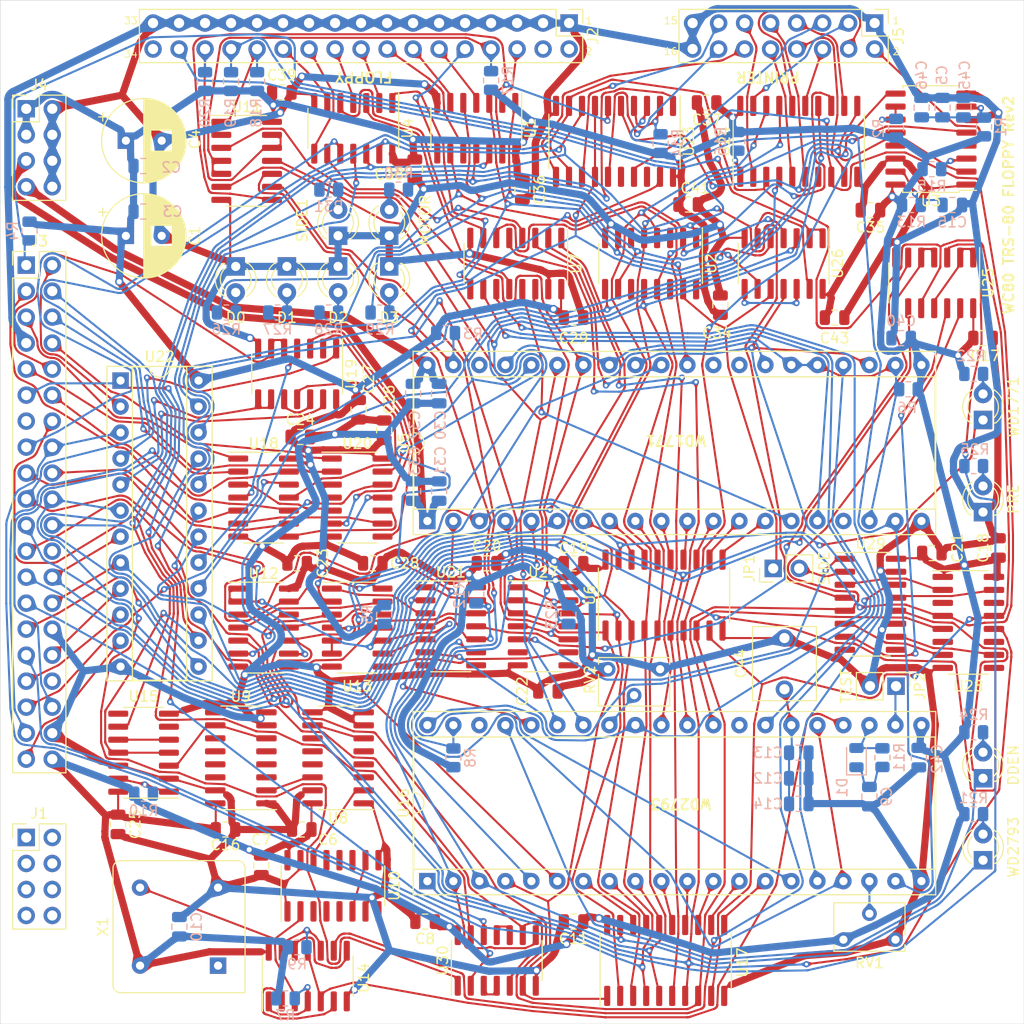
<source format=kicad_pcb>
(kicad_pcb (version 20171130) (host pcbnew "(5.1.9)-1")
  (layers (0 F.Cu signal) (31 B.Cu signal) (34 B.Paste user hide) (35 F.Paste user hide) (36 B.SilkS user) (37 F.SilkS user) (38 B.Mask user hide) (39 F.Mask user hide) (44 Edge.Cuts user))
  (net 0 "")
  (net 1 +5V)
  (net 2 GND)
  (net 3 F_D2)
  (net 4 F_D0)
  (net 5 F_A1)
  (net 6 F_D5)
  (net 7 F_A0)
  (net 8 F_D3)
  (net 9 F_D6)
  (net 10 F_D1)
  (net 11 F_D7)
  (net 12 F_D4)
  (net 13 ~F_INT~)
  (net 14 ~F_INUSE~)
  (net 15 ~F_EXMEM~)
  (net 16 ~F_SYSRES~)
  (net 17 "Net-(J5-Pad14)")
  (net 18 "Net-(J5-Pad12)")
  (net 19 "Net-(J5-Pad10)")
  (net 20 "Net-(J5-Pad6)")
  (net 21 -5V)
  (net 22 +12V)
  (net 23 "Net-(R3-Pad2)")
  (net 24 "Net-(U10-Pad10)")
  (net 25 "Net-(R6-Pad2)")
  (net 26 F_A2)
  (net 27 F_A6)
  (net 28 F_A5)
  (net 29 F_A7)
  (net 30 F_A3)
  (net 31 F_A4)
  (net 32 ~F_IN~)
  (net 33 F_A9)
  (net 34 ~F_READ~)
  (net 35 ~F_WRITE~)
  (net 36 F_A8)
  (net 37 ~F_OUT~)
  (net 38 F_A11)
  (net 39 F_A14)
  (net 40 F_A15)
  (net 41 F_A12)
  (net 42 F_A13)
  (net 43 F_A10)
  (net 44 "Net-(J5-Pad8)")
  (net 45 "Net-(J5-Pad4)")
  (net 46 "Net-(J5-Pad2)")
  (net 47 "Net-(R8-Pad2)")
  (net 48 "Net-(U4-Pad1)")
  (net 49 "Net-(U5-Pad11)")
  (net 50 "Net-(U5-Pad10)")
  (net 51 "Net-(U5-Pad9)")
  (net 52 "Net-(U5-Pad8)")
  (net 53 "Net-(U5-Pad7)")
  (net 54 "Net-(U5-Pad16)")
  (net 55 "Net-(U5-Pad15)")
  (net 56 "Net-(U5-Pad14)")
  (net 57 "Net-(U10-Pad14)")
  (net 58 "Net-(U11-Pad6)")
  (net 59 "Net-(R9-Pad2)")
  (net 60 "Net-(R10-Pad2)")
  (net 61 "Net-(U13-Pad4)")
  (net 62 4MHz)
  (net 63 "Net-(U14-Pad12)")
  (net 64 2MHz)
  (net 65 1MHz)
  (net 66 "Net-(U14-Pad2)")
  (net 67 "Net-(U15-Pad10)")
  (net 68 "Net-(U16-Pad13)")
  (net 69 "Net-(U16-Pad12)")
  (net 70 "Net-(U16-Pad11)")
  (net 71 40Hz)
  (net 72 ~37E0~)
  (net 73 INTCLK)
  (net 74 "Net-(D1-Pad2)")
  (net 75 "Net-(JP2-Pad1)")
  (net 76 "Net-(R14-Pad2)")
  (net 77 "Net-(RV1-Pad2)")
  (net 78 "Net-(RV2-Pad2)")
  (net 79 INTFLOP)
  (net 80 "Net-(U18-Pad11)")
  (net 81 "Net-(U18-Pad8)")
  (net 82 "Net-(U18-Pad6)")
  (net 83 "Net-(U18-Pad4)")
  (net 84 "Net-(U18-Pad3)")
  (net 85 "Net-(U19-Pad10)")
  (net 86 ~2793~)
  (net 87 "Net-(R16-Pad2)")
  (net 88 ~1771~)
  (net 89 ~PRINTREAD~)
  (net 90 ~PRINTWRITE~)
  (net 91 37XX)
  (net 92 "Net-(C9-Pad2)")
  (net 93 "Net-(C12-Pad2)")
  (net 94 "Net-(C15-Pad1)")
  (net 95 "Net-(J2-Pad30)")
  (net 96 "Net-(J2-Pad28)")
  (net 97 "Net-(J2-Pad26)")
  (net 98 "Net-(J2-Pad24)")
  (net 99 "Net-(J2-Pad22)")
  (net 100 "Net-(J2-Pad20)")
  (net 101 "Net-(J2-Pad18)")
  (net 102 "Net-(J2-Pad16)")
  (net 103 "Net-(J2-Pad14)")
  (net 104 "Net-(J2-Pad12)")
  (net 105 "Net-(J2-Pad10)")
  (net 106 "Net-(J2-Pad8)")
  (net 107 "Net-(J2-Pad6)")
  (net 108 "Net-(J5-Pad13)")
  (net 109 "Net-(J5-Pad11)")
  (net 110 "Net-(J5-Pad9)")
  (net 111 "Net-(J5-Pad7)")
  (net 112 "Net-(J5-Pad5)")
  (net 113 "Net-(J5-Pad3)")
  (net 114 "Net-(R2-Pad2)")
  (net 115 "Net-(R7-Pad2)")
  (net 116 "Net-(R15-Pad2)")
  (net 117 "Net-(U22-Pad23)")
  (net 118 "Net-(U4-Pad9)")
  (net 119 "Net-(U4-Pad5)")
  (net 120 "Net-(U4-Pad3)")
  (net 121 "Net-(U11-Pad11)")
  (net 122 "Net-(U5-Pad13)")
  (net 123 "Net-(U16-Pad32)")
  (net 124 "Net-(U5-Pad12)")
  (net 125 "Net-(U5-Pad31)")
  (net 126 "Net-(U5-Pad30)")
  (net 127 "Net-(U13-Pad1)")
  (net 128 "Net-(U16-Pad15)")
  (net 129 "Net-(U16-Pad16)")
  (net 130 "Net-(U16-Pad30)")
  (net 131 "Net-(U16-Pad31)")
  (net 132 "Net-(U8-Pad14)")
  (net 133 "Net-(U8-Pad10)")
  (net 134 "Net-(U16-Pad17)")
  (net 135 "Net-(U16-Pad14)")
  (net 136 "Net-(U16-Pad10)")
  (net 137 "Net-(U16-Pad9)")
  (net 138 "Net-(U16-Pad8)")
  (net 139 "Net-(U16-Pad7)")
  (net 140 "Net-(U19-Pad3)")
  (net 141 "Net-(U19-Pad2)")
  (net 142 "Net-(U20-Pad3)")
  (net 143 "Net-(R12-Pad2)")
  (net 144 "Net-(U12-Pad11)")
  (net 145 "Net-(U12-Pad8)")
  (net 146 "Net-(U12-Pad6)")
  (net 147 "Net-(U12-Pad4)")
  (net 148 "Net-(U13-Pad9)")
  (net 149 "Net-(U13-Pad8)")
  (net 150 ~DENSEL~)
  (net 151 "Net-(U13-Pad2)")
  (net 152 EFX)
  (net 153 "Net-(U21-Pad11)")
  (net 154 "Net-(U25-Pad4)")
  (net 155 "Net-(U25-Pad1)")
  (net 156 58SEL)
  (net 157 "Net-(U26-Pad13)")
  (net 158 "Net-(U26-Pad12)")
  (net 159 "Net-(U27-Pad5)")
  (net 160 "Net-(U28-Pad15)")
  (net 161 "Net-(U28-Pad10)")
  (net 162 "Net-(U28-Pad7)")
  (net 163 "Net-(U28-Pad2)")
  (net 164 FSIDE)
  (net 165 M1SIDE)
  (net 166 ~CDDEN~)
  (net 167 M1PRE)
  (net 168 CENP)
  (net 169 ~MDDEN~)
  (net 170 OPT)
  (net 171 "Net-(U25-Pad12)")
  (net 172 DFH)
  (net 173 DFL)
  (net 174 "Net-(U16-Pad4)")
  (net 175 "Net-(U16-Pad2)")
  (net 176 "Net-(U11-Pad3)")
  (net 177 FLOP)
  (net 178 "Net-(U30-Pad10)")
  (net 179 "Net-(U30-Pad3)")
  (net 180 "Net-(D2-Pad2)")
  (net 181 "Net-(D3-Pad2)")
  (net 182 "Net-(D4-Pad2)")
  (net 183 "Net-(D5-Pad2)")
  (net 184 "Net-(D6-Pad2)")
  (net 185 "Net-(D7-Pad2)")
  (net 186 "Net-(D8-Pad2)")
  (net 187 "Net-(D9-Pad2)")
  (net 188 "Net-(D10-Pad2)")
  (net 189 "Net-(D11-Pad2)")
  (net 190 D0)
  (net 191 D1)
  (net 192 D2)
  (net 193 D3)
  (net 194 MOTOR)
  (net 195 "Net-(R23-Pad2)")
  (net 196 ~F_MEMRQ~)
  (net 197 "Net-(J1-Pad8)")
  (net 198 "Net-(J1-Pad7)")
  (net 199 "Net-(J1-Pad6)")
  (net 200 "Net-(J1-Pad5)")
  (net 201 "Net-(J1-Pad4)")
  (net 202 "Net-(J1-Pad3)")
  (net 203 "Net-(J1-Pad2)")
  (net 204 "Net-(J1-Pad1)")
  (net 205 "Net-(J2-Pad34)")
  (net 206 "Net-(J2-Pad4)")
  (net 207 "Net-(J2-Pad2)")
  (net 208 "Net-(J3-Pad34)")
  (net 209 "Net-(J3-Pad24)")
  (net 210 "Net-(J3-Pad13)")
  (net 211 "Net-(U2-Pad14)")
  (net 212 "Net-(U2-Pad11)")
  (net 213 "Net-(U2-Pad6)")
  (net 214 "Net-(U2-Pad3)")
  (net 215 "Net-(U3-Pad13)")
  (net 216 "Net-(U3-Pad12)")
  (net 217 "Net-(U5-Pad38)")
  (net 218 "Net-(U5-Pad17)")
  (net 219 "Net-(U16-Pad36)")
  (net 220 "Net-(U5-Pad29)")
  (net 221 "Net-(U5-Pad28)")
  (net 222 "Net-(U8-Pad13)")
  (net 223 "Net-(U8-Pad12)")
  (net 224 "Net-(U8-Pad11)")
  (net 225 "Net-(U8-Pad5)")
  (net 226 "Net-(U8-Pad4)")
  (net 227 "Net-(U8-Pad3)")
  (net 228 "Net-(U9-Pad14)")
  (net 229 "Net-(U9-Pad13)")
  (net 230 "Net-(U9-Pad12)")
  (net 231 "Net-(U9-Pad11)")
  (net 232 "Net-(U9-Pad5)")
  (net 233 "Net-(U9-Pad4)")
  (net 234 "Net-(U9-Pad3)")
  (net 235 "Net-(U10-Pad13)")
  (net 236 "Net-(U10-Pad12)")
  (net 237 "Net-(U10-Pad11)")
  (net 238 "Net-(U10-Pad5)")
  (net 239 "Net-(U10-Pad4)")
  (net 240 "Net-(U10-Pad3)")
  (net 241 "Net-(U15-Pad8)")
  (net 242 "Net-(U15-Pad6)")
  (net 243 "Net-(U16-Pad38)")
  (net 244 "Net-(U16-Pad28)")
  (net 245 "Net-(U21-Pad8)")
  (net 246 "Net-(U23-Pad18)")
  (net 247 "Net-(U23-Pad16)")
  (net 248 "Net-(U27-Pad8)")
  (net 249 "Net-(U27-Pad6)")
  (net 250 "Net-(U28-Pad14)")
  (net 251 "Net-(U28-Pad11)")
  (net 252 "Net-(U28-Pad6)")
  (net 253 "Net-(U28-Pad3)")
  (net 254 "Net-(U29-Pad9)")
  (net 255 "Net-(X1-Pad1)")
  (net 256 "Net-(C45-Pad1)")
  (module Capacitor_SMD:C_0805_2012Metric (layer B.Cu) (at 109.9993 30.4839 90)
    (fp_text reference C46 (at 3.175 0 90) (layer B.SilkS) (effects (justify mirror)))
    (fp_text value 33uF)
    (pad 2 smd roundrect (at 0.95 0 90) (size 1 1.45) (layers B.Cu B.Paste B.Mask) (net 2 GND))
    (pad 1 smd roundrect (at -0.95 0 90) (size 1 1.45) (layers B.Cu B.Paste B.Mask) (net 256 "Net-(C45-Pad1)"))
  )
  (module Capacitor_SMD:C_0805_2012Metric (layer B.Cu) (at 114.0884 30.4869 90)
    (fp_text reference C45 (at 3.175 0.127 90) (layer B.SilkS) (effects (justify mirror)))
    (fp_text value 33uF)
    (pad 2 smd roundrect (at 0.95 0 90) (size 1 1.45) (layers B.Cu B.Paste B.Mask) (net 2 GND))
    (pad 1 smd roundrect (at -0.95 0 90) (size 1 1.45) (layers B.Cu B.Paste B.Mask) (net 256 "Net-(C45-Pad1)"))
  )
  (module Package_SO:SOIC-14_3.9x8.7mm_P1.27mm (layer F.Cu) (at 44.069 35.687)
    (fp_text reference U11 (at 0 -5.28) (layer F.SilkS))
    (fp_text value 74LS08)
    (pad 14 smd roundrect (at 2.475 -3.81) (size 1.95 0.6) (layers F.Cu F.Paste F.Mask) (net 1 +5V))
    (pad 13 smd roundrect (at 2.475 -2.54) (size 1.95 0.6) (layers F.Cu F.Paste F.Mask) (net 95 "Net-(J2-Pad30)"))
    (pad 12 smd roundrect (at 2.475 -1.27) (size 1.95 0.6) (layers F.Cu F.Paste F.Mask) (net 95 "Net-(J2-Pad30)"))
    (pad 11 smd roundrect (at 2.475 0) (size 1.95 0.6) (layers F.Cu F.Paste F.Mask) (net 121 "Net-(U11-Pad11)"))
    (pad 10 smd roundrect (at 2.475 1.27) (size 1.95 0.6) (layers F.Cu F.Paste F.Mask) (net 23 "Net-(R3-Pad2)"))
    (pad 9 smd roundrect (at 2.475 2.54) (size 1.95 0.6) (layers F.Cu F.Paste F.Mask) (net 47 "Net-(R8-Pad2)"))
    (pad 8 smd roundrect (at 2.475 3.81) (size 1.95 0.6) (layers F.Cu F.Paste F.Mask) (net 79 INTFLOP))
    (pad 7 smd roundrect (at -2.475 3.81) (size 1.95 0.6) (layers F.Cu F.Paste F.Mask) (net 2 GND))
    (pad 6 smd roundrect (at -2.475 2.54) (size 1.95 0.6) (layers F.Cu F.Paste F.Mask) (net 58 "Net-(U11-Pad6)"))
    (pad 5 smd roundrect (at -2.475 1.27) (size 1.95 0.6) (layers F.Cu F.Paste F.Mask) (net 106 "Net-(J2-Pad8)"))
    (pad 4 smd roundrect (at -2.475 0) (size 1.95 0.6) (layers F.Cu F.Paste F.Mask) (net 106 "Net-(J2-Pad8)"))
    (pad 3 smd roundrect (at -2.475 -1.27) (size 1.95 0.6) (layers F.Cu F.Paste F.Mask) (net 176 "Net-(U11-Pad3)"))
    (pad 2 smd roundrect (at -2.475 -2.54) (size 1.95 0.6) (layers F.Cu F.Paste F.Mask) (net 97 "Net-(J2-Pad26)"))
    (pad 1 smd roundrect (at -2.475 -3.81) (size 1.95 0.6) (layers F.Cu F.Paste F.Mask) (net 97 "Net-(J2-Pad26)"))
  )
  (module Package_SO:SO-20_5.3x12.6mm_P1.27mm (layer F.Cu) (at 80 33.782 270)
    (fp_text reference U23 (at 0 -7.25 90) (layer F.SilkS))
    (fp_text value 74LS244)
    (pad 20 smd roundrect (at 3.4625 -5.715 270) (size 1.975 0.6) (layers F.Cu F.Paste F.Mask) (net 1 +5V))
    (pad 19 smd roundrect (at 3.4625 -4.445 270) (size 1.975 0.6) (layers F.Cu F.Paste F.Mask) (net 89 ~PRINTREAD~))
    (pad 18 smd roundrect (at 3.4625 -3.175 270) (size 1.975 0.6) (layers F.Cu F.Paste F.Mask) (net 246 "Net-(U23-Pad18)"))
    (pad 17 smd roundrect (at 3.4625 -1.905 270) (size 1.975 0.6) (layers F.Cu F.Paste F.Mask) (net 112 "Net-(J5-Pad5)"))
    (pad 16 smd roundrect (at 3.4625 -0.635 270) (size 1.975 0.6) (layers F.Cu F.Paste F.Mask) (net 247 "Net-(U23-Pad16)"))
    (pad 15 smd roundrect (at 3.4625 0.635 270) (size 1.975 0.6) (layers F.Cu F.Paste F.Mask) (net 17 "Net-(J5-Pad14)"))
    (pad 14 smd roundrect (at 3.4625 1.905 270) (size 1.975 0.6) (layers F.Cu F.Paste F.Mask) (net 9 F_D6))
    (pad 13 smd roundrect (at 3.4625 3.175 270) (size 1.975 0.6) (layers F.Cu F.Paste F.Mask) (net 108 "Net-(J5-Pad13)"))
    (pad 12 smd roundrect (at 3.4625 4.445 270) (size 1.975 0.6) (layers F.Cu F.Paste F.Mask) (net 11 F_D7))
    (pad 11 smd roundrect (at 3.4625 5.715 270) (size 1.975 0.6) (layers F.Cu F.Paste F.Mask) (net 18 "Net-(J5-Pad12)"))
    (pad 10 smd roundrect (at -3.4625 5.715 270) (size 1.975 0.6) (layers F.Cu F.Paste F.Mask) (net 2 GND))
    (pad 9 smd roundrect (at -3.4625 4.445 270) (size 1.975 0.6) (layers F.Cu F.Paste F.Mask) (net 11 F_D7))
    (pad 8 smd roundrect (at -3.4625 3.175 270) (size 1.975 0.6) (layers F.Cu F.Paste F.Mask) (net 73 INTCLK))
    (pad 7 smd roundrect (at -3.4625 1.905 270) (size 1.975 0.6) (layers F.Cu F.Paste F.Mask) (net 9 F_D6))
    (pad 6 smd roundrect (at -3.4625 0.635 270) (size 1.975 0.6) (layers F.Cu F.Paste F.Mask) (net 79 INTFLOP))
    (pad 5 smd roundrect (at -3.4625 -0.635 270) (size 1.975 0.6) (layers F.Cu F.Paste F.Mask) (net 6 F_D5))
    (pad 4 smd roundrect (at -3.4625 -1.905 270) (size 1.975 0.6) (layers F.Cu F.Paste F.Mask) (net 76 "Net-(R14-Pad2)"))
    (pad 3 smd roundrect (at -3.4625 -3.175 270) (size 1.975 0.6) (layers F.Cu F.Paste F.Mask) (net 12 F_D4))
    (pad 2 smd roundrect (at -3.4625 -4.445 270) (size 1.975 0.6) (layers F.Cu F.Paste F.Mask) (net 76 "Net-(R14-Pad2)"))
    (pad 1 smd roundrect (at -3.4625 -5.715 270) (size 1.975 0.6) (layers F.Cu F.Paste F.Mask) (net 72 ~37E0~))
  )
  (module Package_SO:SO-16_5.3x10.2mm_P1.27mm (layer F.Cu) (at 110.914 33.562 180)
    (fp_text reference U3 (at 0 -6.05) (layer F.SilkS))
    (fp_text value 74LS123)
    (pad 16 smd roundrect (at 3.4625 -4.445 180) (size 1.975 0.6) (layers F.Cu F.Paste F.Mask) (net 1 +5V))
    (pad 15 smd roundrect (at 3.4625 -3.175 180) (size 1.975 0.6) (layers F.Cu F.Paste F.Mask) (net 94 "Net-(C15-Pad1)"))
    (pad 14 smd roundrect (at 3.4625 -1.905 180) (size 1.975 0.6) (layers F.Cu F.Paste F.Mask) (net 2 GND))
    (pad 13 smd roundrect (at 3.4625 -0.635 180) (size 1.975 0.6) (layers F.Cu F.Paste F.Mask) (net 215 "Net-(U3-Pad13)"))
    (pad 12 smd roundrect (at 3.4625 0.635 180) (size 1.975 0.6) (layers F.Cu F.Paste F.Mask) (net 216 "Net-(U3-Pad12)"))
    (pad 11 smd roundrect (at 3.4625 1.905 180) (size 1.975 0.6) (layers F.Cu F.Paste F.Mask) (net 114 "Net-(R2-Pad2)"))
    (pad 10 smd roundrect (at 3.4625 3.175 180) (size 1.975 0.6) (layers F.Cu F.Paste F.Mask) (net 114 "Net-(R2-Pad2)"))
    (pad 9 smd roundrect (at 3.4625 4.445 180) (size 1.975 0.6) (layers F.Cu F.Paste F.Mask) (net 173 DFL))
    (pad 8 smd roundrect (at -3.4625 4.445 180) (size 1.975 0.6) (layers F.Cu F.Paste F.Mask) (net 2 GND))
    (pad 7 smd roundrect (at -3.4625 3.175 180) (size 1.975 0.6) (layers F.Cu F.Paste F.Mask) (net 256 "Net-(C45-Pad1)"))
    (pad 6 smd roundrect (at -3.4625 1.905 180) (size 1.975 0.6) (layers F.Cu F.Paste F.Mask) (net 2 GND))
    (pad 5 smd roundrect (at -3.4625 0.635 180) (size 1.975 0.6) (layers F.Cu F.Paste F.Mask) (net 194 MOTOR))
    (pad 4 smd roundrect (at -3.4625 -0.635 180) (size 1.975 0.6) (layers F.Cu F.Paste F.Mask) (net 46 "Net-(J5-Pad2)"))
    (pad 3 smd roundrect (at -3.4625 -1.905 180) (size 1.975 0.6) (layers F.Cu F.Paste F.Mask) (net 116 "Net-(R15-Pad2)"))
    (pad 2 smd roundrect (at -3.4625 -3.175 180) (size 1.975 0.6) (layers F.Cu F.Paste F.Mask) (net 90 ~PRINTWRITE~))
    (pad 1 smd roundrect (at -3.4625 -4.445 180) (size 1.975 0.6) (layers F.Cu F.Paste F.Mask) (net 2 GND))
  )
  (module Capacitor_THT:C_Rect_L7.0mm_W6.0mm_P5.00mm (layer F.Cu) (at 96.6 87.3 90)
    (fp_text reference C44 (at 2.5 -4.25 90) (layer F.SilkS))
    (fp_text value 60pF)
    (pad 2 thru_hole circle (at 5 0 90) (size 1.7 1.7) (drill 1) (layers *.Cu *.Mask) (net 2 GND))
    (pad 1 thru_hole circle (at 0 0 90) (size 1.7 1.7) (drill 1) (layers *.Cu *.Mask) (net 93 "Net-(C12-Pad2)"))
  )
  (module Capacitor_SMD:C_0805_2012Metric (layer F.Cu) (at 101.5 51)
    (fp_text reference C43 (at 0 2) (layer F.SilkS))
    (fp_text value 100n)
    (pad 2 smd roundrect (at 0.95 0) (size 1 1.45) (layers F.Cu F.Paste F.Mask) (net 2 GND))
    (pad 1 smd roundrect (at -0.95 0) (size 1 1.45) (layers F.Cu F.Paste F.Mask) (net 1 +5V))
  )
  (module Capacitor_SMD:C_0805_2012Metric (layer B.Cu) (at 109.728 93.98 270)
    (fp_text reference C42 (at 0.127 -1.778 90) (layer B.SilkS) (effects (justify mirror)))
    (fp_text value 100n)
    (pad 2 smd roundrect (at 0.95 0 270) (size 1 1.45) (layers B.Cu B.Paste B.Mask) (net 2 GND))
    (pad 1 smd roundrect (at -0.95 0 270) (size 1 1.45) (layers B.Cu B.Paste B.Mask) (net 1 +5V))
  )
  (module Capacitor_SMD:C_0805_2012Metric (layer F.Cu) (at 87.1899 39.9524)
    (fp_text reference C41 (at 0.6941 -1.5984) (layer F.SilkS))
    (fp_text value 100n)
    (pad 2 smd roundrect (at 0.95 0) (size 1 1.45) (layers F.Cu F.Paste F.Mask) (net 2 GND))
    (pad 1 smd roundrect (at -0.95 0) (size 1 1.45) (layers F.Cu F.Paste F.Mask) (net 1 +5V))
  )
  (module Capacitor_SMD:C_0805_2012Metric (layer B.Cu) (at 108 53 180)
    (fp_text reference C40 (at 0 1.68) (layer B.SilkS) (effects (justify mirror)))
    (fp_text value 100n)
    (pad 2 smd roundrect (at 0.95 0 180) (size 1 1.45) (layers B.Cu B.Paste B.Mask) (net 2 GND))
    (pad 1 smd roundrect (at -0.95 0 180) (size 1 1.45) (layers B.Cu B.Paste B.Mask) (net 1 +5V))
  )
  (module Capacitor_SMD:C_0805_2012Metric (layer F.Cu) (at 47.5 29)
    (fp_text reference C39 (at 0 -1.68) (layer F.SilkS))
    (fp_text value 100n)
    (pad 2 smd roundrect (at 0.95 0) (size 1 1.45) (layers F.Cu F.Paste F.Mask) (net 2 GND))
    (pad 1 smd roundrect (at -0.95 0) (size 1 1.45) (layers F.Cu F.Paste F.Mask) (net 1 +5V))
  )
  (module Capacitor_SMD:C_0805_2012Metric (layer F.Cu) (at 60.5 36.5 270)
    (fp_text reference C38 (at 0.5 2.5) (layer F.SilkS))
    (fp_text value 100n)
    (pad 2 smd roundrect (at 0.95 0 270) (size 1 1.45) (layers F.Cu F.Paste F.Mask) (net 2 GND))
    (pad 1 smd roundrect (at -0.95 0 270) (size 1 1.45) (layers F.Cu F.Paste F.Mask) (net 1 +5V))
  )
  (module Capacitor_SMD:C_0805_2012Metric (layer F.Cu) (at 89 30 180)
    (fp_text reference C37 (at 0 -1.68) (layer F.SilkS))
    (fp_text value 100n)
    (pad 2 smd roundrect (at 0.95 0 180) (size 1 1.45) (layers F.Cu F.Paste F.Mask) (net 2 GND))
    (pad 1 smd roundrect (at -0.95 0 180) (size 1 1.45) (layers F.Cu F.Paste F.Mask) (net 1 +5V))
  )
  (module Capacitor_SMD:C_0805_2012Metric (layer F.Cu) (at 71 38.5 270)
    (fp_text reference C36 (at 0 -1.68 270) (layer F.SilkS))
    (fp_text value 100n)
    (pad 2 smd roundrect (at 0.95 0 270) (size 1 1.45) (layers F.Cu F.Paste F.Mask) (net 2 GND))
    (pad 1 smd roundrect (at -0.95 0 270) (size 1 1.45) (layers F.Cu F.Paste F.Mask) (net 1 +5V))
  )
  (module Capacitor_SMD:C_0805_2012Metric (layer F.Cu) (at 105 40.5 180)
    (fp_text reference C35 (at 0 -1.68 180) (layer F.SilkS))
    (fp_text value 100n)
    (pad 2 smd roundrect (at 0.95 0 180) (size 1 1.45) (layers F.Cu F.Paste F.Mask) (net 2 GND))
    (pad 1 smd roundrect (at -0.95 0 180) (size 1 1.45) (layers F.Cu F.Paste F.Mask) (net 1 +5V))
  )
  (module Capacitor_SMD:C_0805_2012Metric (layer F.Cu) (at 90.3434 49.7799 90)
    (fp_text reference C34 (at -2.7201 -0.3434 180) (layer F.SilkS))
    (fp_text value 100n)
    (pad 2 smd roundrect (at 0.95 0 90) (size 1 1.45) (layers F.Cu F.Paste F.Mask) (net 2 GND))
    (pad 1 smd roundrect (at -0.95 0 90) (size 1 1.45) (layers F.Cu F.Paste F.Mask) (net 1 +5V))
  )
  (module Package_SO:SOIC-14_3.9x8.7mm_P1.27mm (layer F.Cu) (at 68.5 113.792 90)
    (fp_text reference U30 (at 0 -5.28 90) (layer F.SilkS))
    (fp_text value 74LS00)
    (pad 14 smd roundrect (at 2.475 -3.81 90) (size 1.95 0.6) (layers F.Cu F.Paste F.Mask) (net 1 +5V))
    (pad 13 smd roundrect (at 2.475 -2.54 90) (size 1.95 0.6) (layers F.Cu F.Paste F.Mask) (net 35 ~F_WRITE~))
    (pad 12 smd roundrect (at 2.475 -1.27 90) (size 1.95 0.6) (layers F.Cu F.Paste F.Mask) (net 37 ~F_OUT~))
    (pad 11 smd roundrect (at 2.475 0 90) (size 1.95 0.6) (layers F.Cu F.Paste F.Mask) (net 178 "Net-(U30-Pad10)"))
    (pad 10 smd roundrect (at 2.475 1.27 90) (size 1.95 0.6) (layers F.Cu F.Paste F.Mask) (net 178 "Net-(U30-Pad10)"))
    (pad 9 smd roundrect (at 2.475 2.54 90) (size 1.95 0.6) (layers F.Cu F.Paste F.Mask) (net 177 FLOP))
    (pad 8 smd roundrect (at 2.475 3.81 90) (size 1.95 0.6) (layers F.Cu F.Paste F.Mask) (net 175 "Net-(U16-Pad2)"))
    (pad 7 smd roundrect (at -2.475 3.81 90) (size 1.95 0.6) (layers F.Cu F.Paste F.Mask) (net 2 GND))
    (pad 6 smd roundrect (at -2.475 2.54 90) (size 1.95 0.6) (layers F.Cu F.Paste F.Mask) (net 174 "Net-(U16-Pad4)"))
    (pad 5 smd roundrect (at -2.475 1.27 90) (size 1.95 0.6) (layers F.Cu F.Paste F.Mask) (net 177 FLOP))
    (pad 4 smd roundrect (at -2.475 0 90) (size 1.95 0.6) (layers F.Cu F.Paste F.Mask) (net 179 "Net-(U30-Pad3)"))
    (pad 3 smd roundrect (at -2.475 -1.27 90) (size 1.95 0.6) (layers F.Cu F.Paste F.Mask) (net 179 "Net-(U30-Pad3)"))
    (pad 2 smd roundrect (at -2.475 -2.54 90) (size 1.95 0.6) (layers F.Cu F.Paste F.Mask) (net 34 ~F_READ~))
    (pad 1 smd roundrect (at -2.475 -3.81 90) (size 1.95 0.6) (layers F.Cu F.Paste F.Mask) (net 32 ~F_IN~))
  )
  (module Package_SO:SOIC-14_3.9x8.7mm_P1.27mm (layer F.Cu) (at 96.52 45.72 270)
    (fp_text reference U26 (at 0 -5.28 90) (layer F.SilkS))
    (fp_text value 74LS32)
    (pad 14 smd roundrect (at 2.475 -3.81 270) (size 1.95 0.6) (layers F.Cu F.Paste F.Mask) (net 1 +5V))
    (pad 13 smd roundrect (at 2.475 -2.54 270) (size 1.95 0.6) (layers F.Cu F.Paste F.Mask) (net 157 "Net-(U26-Pad13)"))
    (pad 12 smd roundrect (at 2.475 -1.27 270) (size 1.95 0.6) (layers F.Cu F.Paste F.Mask) (net 158 "Net-(U26-Pad12)"))
    (pad 11 smd roundrect (at 2.475 0 270) (size 1.95 0.6) (layers F.Cu F.Paste F.Mask) (net 123 "Net-(U16-Pad32)"))
    (pad 10 smd roundrect (at 2.475 1.27 270) (size 1.95 0.6) (layers F.Cu F.Paste F.Mask) (net 193 D3))
    (pad 9 smd roundrect (at 2.475 2.54 270) (size 1.95 0.6) (layers F.Cu F.Paste F.Mask) (net 192 D2))
    (pad 8 smd roundrect (at 2.475 3.81 270) (size 1.95 0.6) (layers F.Cu F.Paste F.Mask) (net 158 "Net-(U26-Pad12)"))
    (pad 7 smd roundrect (at -2.475 3.81 270) (size 1.95 0.6) (layers F.Cu F.Paste F.Mask) (net 2 GND))
    (pad 6 smd roundrect (at -2.475 2.54 270) (size 1.95 0.6) (layers F.Cu F.Paste F.Mask) (net 157 "Net-(U26-Pad13)"))
    (pad 5 smd roundrect (at -2.475 1.27 270) (size 1.95 0.6) (layers F.Cu F.Paste F.Mask) (net 191 D1))
    (pad 4 smd roundrect (at -2.475 0 270) (size 1.95 0.6) (layers F.Cu F.Paste F.Mask) (net 190 D0))
    (pad 3 smd roundrect (at -2.475 -1.27 270) (size 1.95 0.6) (layers F.Cu F.Paste F.Mask) (net 219 "Net-(U16-Pad36)"))
    (pad 2 smd roundrect (at -2.475 -2.54 270) (size 1.95 0.6) (layers F.Cu F.Paste F.Mask) (net 96 "Net-(J2-Pad28)"))
    (pad 1 smd roundrect (at -2.475 -3.81 270) (size 1.95 0.6) (layers F.Cu F.Paste F.Mask) (net 96 "Net-(J2-Pad28)"))
  )
  (module Package_SO:SOIC-14_3.9x8.7mm_P1.27mm (layer F.Cu) (at 111.228 47.608 270)
    (fp_text reference U25 (at 0 -5.28 90) (layer F.SilkS))
    (fp_text value 74LS00)
    (pad 14 smd roundrect (at 2.475 -3.81 270) (size 1.95 0.6) (layers F.Cu F.Paste F.Mask) (net 1 +5V))
    (pad 13 smd roundrect (at 2.475 -2.54 270) (size 1.95 0.6) (layers F.Cu F.Paste F.Mask) (net 167 M1PRE))
    (pad 12 smd roundrect (at 2.475 -1.27 270) (size 1.95 0.6) (layers F.Cu F.Paste F.Mask) (net 171 "Net-(U25-Pad12)"))
    (pad 11 smd roundrect (at 2.475 0 270) (size 1.95 0.6) (layers F.Cu F.Paste F.Mask) (net 155 "Net-(U25-Pad1)"))
    (pad 10 smd roundrect (at 2.475 1.27 270) (size 1.95 0.6) (layers F.Cu F.Paste F.Mask) (net 11 F_D7))
    (pad 9 smd roundrect (at 2.475 2.54 270) (size 1.95 0.6) (layers F.Cu F.Paste F.Mask) (net 156 58SEL))
    (pad 8 smd roundrect (at 2.475 3.81 270) (size 1.95 0.6) (layers F.Cu F.Paste F.Mask) (net 154 "Net-(U25-Pad4)"))
    (pad 7 smd roundrect (at -2.475 3.81 270) (size 1.95 0.6) (layers F.Cu F.Paste F.Mask) (net 2 GND))
    (pad 6 smd roundrect (at -2.475 2.54 270) (size 1.95 0.6) (layers F.Cu F.Paste F.Mask) (net 153 "Net-(U21-Pad11)"))
    (pad 5 smd roundrect (at -2.475 1.27 270) (size 1.95 0.6) (layers F.Cu F.Paste F.Mask) (net 154 "Net-(U25-Pad4)"))
    (pad 4 smd roundrect (at -2.475 0 270) (size 1.95 0.6) (layers F.Cu F.Paste F.Mask) (net 154 "Net-(U25-Pad4)"))
    (pad 3 smd roundrect (at -2.475 -1.27 270) (size 1.95 0.6) (layers F.Cu F.Paste F.Mask) (net 168 CENP))
    (pad 2 smd roundrect (at -2.475 -2.54 270) (size 1.95 0.6) (layers F.Cu F.Paste F.Mask) (net 155 "Net-(U25-Pad1)"))
    (pad 1 smd roundrect (at -2.475 -3.81 270) (size 1.95 0.6) (layers F.Cu F.Paste F.Mask) (net 155 "Net-(U25-Pad1)"))
  )
  (module Package_SO:SOIC-14_3.9x8.7mm_P1.27mm (layer F.Cu) (at 54.864 68.58)
    (fp_text reference U20 (at 0 -5.28) (layer F.SilkS))
    (fp_text value 74LS32)
    (pad 14 smd roundrect (at 2.475 -3.81) (size 1.95 0.6) (layers F.Cu F.Paste F.Mask) (net 1 +5V))
    (pad 13 smd roundrect (at 2.475 -2.54) (size 1.95 0.6) (layers F.Cu F.Paste F.Mask) (net 3 F_D2))
    (pad 12 smd roundrect (at 2.475 -1.27) (size 1.95 0.6) (layers F.Cu F.Paste F.Mask) (net 146 "Net-(U12-Pad6)"))
    (pad 11 smd roundrect (at 2.475 0) (size 1.95 0.6) (layers F.Cu F.Paste F.Mask) (net 151 "Net-(U13-Pad2)"))
    (pad 10 smd roundrect (at 2.475 1.27) (size 1.95 0.6) (layers F.Cu F.Paste F.Mask) (net 81 "Net-(U18-Pad8)"))
    (pad 9 smd roundrect (at 2.475 2.54) (size 1.95 0.6) (layers F.Cu F.Paste F.Mask) (net 82 "Net-(U18-Pad6)"))
    (pad 8 smd roundrect (at 2.475 3.81) (size 1.95 0.6) (layers F.Cu F.Paste F.Mask) (net 140 "Net-(U19-Pad3)"))
    (pad 7 smd roundrect (at -2.475 3.81) (size 1.95 0.6) (layers F.Cu F.Paste F.Mask) (net 2 GND))
    (pad 6 smd roundrect (at -2.475 2.54) (size 1.95 0.6) (layers F.Cu F.Paste F.Mask) (net 141 "Net-(U19-Pad2)"))
    (pad 5 smd roundrect (at -2.475 1.27) (size 1.95 0.6) (layers F.Cu F.Paste F.Mask) (net 84 "Net-(U18-Pad3)"))
    (pad 4 smd roundrect (at -2.475 0) (size 1.95 0.6) (layers F.Cu F.Paste F.Mask) (net 142 "Net-(U20-Pad3)"))
    (pad 3 smd roundrect (at -2.475 -1.27) (size 1.95 0.6) (layers F.Cu F.Paste F.Mask) (net 142 "Net-(U20-Pad3)"))
    (pad 2 smd roundrect (at -2.475 -2.54) (size 1.95 0.6) (layers F.Cu F.Paste F.Mask) (net 39 F_A14))
    (pad 1 smd roundrect (at -2.475 -3.81) (size 1.95 0.6) (layers F.Cu F.Paste F.Mask) (net 40 F_A15))
  )
  (module Package_SO:SOIC-14_3.9x8.7mm_P1.27mm (layer F.Cu) (at 49 56.5 270)
    (fp_text reference U19 (at 0 -5.28 90) (layer F.SilkS))
    (fp_text value 74LS02)
    (pad 14 smd roundrect (at 2.475 -3.81 270) (size 1.95 0.6) (layers F.Cu F.Paste F.Mask) (net 1 +5V))
    (pad 13 smd roundrect (at 2.475 -2.54 270) (size 1.95 0.6) (layers F.Cu F.Paste F.Mask) (net 152 EFX))
    (pad 12 smd roundrect (at 2.475 -1.27 270) (size 1.95 0.6) (layers F.Cu F.Paste F.Mask) (net 85 "Net-(U19-Pad10)"))
    (pad 11 smd roundrect (at 2.475 0 270) (size 1.95 0.6) (layers F.Cu F.Paste F.Mask) (net 80 "Net-(U18-Pad11)"))
    (pad 10 smd roundrect (at 2.475 1.27 270) (size 1.95 0.6) (layers F.Cu F.Paste F.Mask) (net 85 "Net-(U19-Pad10)"))
    (pad 9 smd roundrect (at 2.475 2.54 270) (size 1.95 0.6) (layers F.Cu F.Paste F.Mask) (net 28 F_A5))
    (pad 8 smd roundrect (at 2.475 3.81 270) (size 1.95 0.6) (layers F.Cu F.Paste F.Mask) (net 28 F_A5))
    (pad 7 smd roundrect (at -2.475 3.81 270) (size 1.95 0.6) (layers F.Cu F.Paste F.Mask) (net 2 GND))
    (pad 6 smd roundrect (at -2.475 2.54 270) (size 1.95 0.6) (layers F.Cu F.Paste F.Mask) (net 38 F_A11))
    (pad 5 smd roundrect (at -2.475 1.27 270) (size 1.95 0.6) (layers F.Cu F.Paste F.Mask) (net 38 F_A11))
    (pad 4 smd roundrect (at -2.475 0 270) (size 1.95 0.6) (layers F.Cu F.Paste F.Mask) (net 83 "Net-(U18-Pad4)"))
    (pad 3 smd roundrect (at -2.475 -1.27 270) (size 1.95 0.6) (layers F.Cu F.Paste F.Mask) (net 140 "Net-(U19-Pad3)"))
    (pad 2 smd roundrect (at -2.475 -2.54 270) (size 1.95 0.6) (layers F.Cu F.Paste F.Mask) (net 141 "Net-(U19-Pad2)"))
    (pad 1 smd roundrect (at -2.475 -3.81 270) (size 1.95 0.6) (layers F.Cu F.Paste F.Mask) (net 91 37XX))
  )
  (module Package_SO:SOIC-14_3.9x8.7mm_P1.27mm (layer F.Cu) (at 45.72 68.58)
    (fp_text reference U18 (at 0 -5.28) (layer F.SilkS))
    (fp_text value 74LS00)
    (pad 14 smd roundrect (at 2.475 -3.81) (size 1.95 0.6) (layers F.Cu F.Paste F.Mask) (net 1 +5V))
    (pad 13 smd roundrect (at 2.475 -2.54) (size 1.95 0.6) (layers F.Cu F.Paste F.Mask) (net 27 F_A6))
    (pad 12 smd roundrect (at 2.475 -1.27) (size 1.95 0.6) (layers F.Cu F.Paste F.Mask) (net 29 F_A7))
    (pad 11 smd roundrect (at 2.475 0) (size 1.95 0.6) (layers F.Cu F.Paste F.Mask) (net 80 "Net-(U18-Pad11)"))
    (pad 10 smd roundrect (at 2.475 1.27) (size 1.95 0.6) (layers F.Cu F.Paste F.Mask) (net 36 F_A8))
    (pad 9 smd roundrect (at 2.475 2.54) (size 1.95 0.6) (layers F.Cu F.Paste F.Mask) (net 33 F_A9))
    (pad 8 smd roundrect (at 2.475 3.81) (size 1.95 0.6) (layers F.Cu F.Paste F.Mask) (net 81 "Net-(U18-Pad8)"))
    (pad 7 smd roundrect (at -2.475 3.81) (size 1.95 0.6) (layers F.Cu F.Paste F.Mask) (net 2 GND))
    (pad 6 smd roundrect (at -2.475 2.54) (size 1.95 0.6) (layers F.Cu F.Paste F.Mask) (net 82 "Net-(U18-Pad6)"))
    (pad 5 smd roundrect (at -2.475 1.27) (size 1.95 0.6) (layers F.Cu F.Paste F.Mask) (net 43 F_A10))
    (pad 4 smd roundrect (at -2.475 0) (size 1.95 0.6) (layers F.Cu F.Paste F.Mask) (net 83 "Net-(U18-Pad4)"))
    (pad 3 smd roundrect (at -2.475 -1.27) (size 1.95 0.6) (layers F.Cu F.Paste F.Mask) (net 84 "Net-(U18-Pad3)"))
    (pad 2 smd roundrect (at -2.475 -2.54) (size 1.95 0.6) (layers F.Cu F.Paste F.Mask) (net 41 F_A12))
    (pad 1 smd roundrect (at -2.475 -3.81) (size 1.95 0.6) (layers F.Cu F.Paste F.Mask) (net 42 F_A13))
  )
  (module Package_SO:SOIC-14_3.9x8.7mm_P1.27mm (layer F.Cu) (at 54.864 81.28)
    (fp_text reference U13 (at 0 5.72) (layer F.SilkS))
    (fp_text value 74LS02)
    (pad 14 smd roundrect (at 2.475 -3.81) (size 1.95 0.6) (layers F.Cu F.Paste F.Mask) (net 1 +5V))
    (pad 13 smd roundrect (at 2.475 -2.54) (size 1.95 0.6) (layers F.Cu F.Paste F.Mask) (net 147 "Net-(U12-Pad4)"))
    (pad 12 smd roundrect (at 2.475 -1.27) (size 1.95 0.6) (layers F.Cu F.Paste F.Mask) (net 144 "Net-(U12-Pad11)"))
    (pad 11 smd roundrect (at 2.475 0) (size 1.95 0.6) (layers F.Cu F.Paste F.Mask) (net 145 "Net-(U12-Pad8)"))
    (pad 10 smd roundrect (at 2.475 1.27) (size 1.95 0.6) (layers F.Cu F.Paste F.Mask) (net 86 ~2793~))
    (pad 9 smd roundrect (at 2.475 2.54) (size 1.95 0.6) (layers F.Cu F.Paste F.Mask) (net 148 "Net-(U13-Pad9)"))
    (pad 8 smd roundrect (at 2.475 3.81) (size 1.95 0.6) (layers F.Cu F.Paste F.Mask) (net 149 "Net-(U13-Pad8)"))
    (pad 7 smd roundrect (at -2.475 3.81) (size 1.95 0.6) (layers F.Cu F.Paste F.Mask) (net 2 GND))
    (pad 6 smd roundrect (at -2.475 2.54) (size 1.95 0.6) (layers F.Cu F.Paste F.Mask) (net 121 "Net-(U11-Pad11)"))
    (pad 5 smd roundrect (at -2.475 1.27) (size 1.95 0.6) (layers F.Cu F.Paste F.Mask) (net 121 "Net-(U11-Pad11)"))
    (pad 4 smd roundrect (at -2.475 0) (size 1.95 0.6) (layers F.Cu F.Paste F.Mask) (net 61 "Net-(U13-Pad4)"))
    (pad 3 smd roundrect (at -2.475 -1.27) (size 1.95 0.6) (layers F.Cu F.Paste F.Mask) (net 150 ~DENSEL~))
    (pad 2 smd roundrect (at -2.475 -2.54) (size 1.95 0.6) (layers F.Cu F.Paste F.Mask) (net 151 "Net-(U13-Pad2)"))
    (pad 1 smd roundrect (at -2.475 -3.81) (size 1.95 0.6) (layers F.Cu F.Paste F.Mask) (net 127 "Net-(U13-Pad1)"))
  )
  (module Package_SO:SOIC-14_3.9x8.7mm_P1.27mm (layer F.Cu) (at 45.72 81.28)
    (fp_text reference U12 (at 0 -5.28) (layer F.SilkS))
    (fp_text value 74LS00)
    (pad 14 smd roundrect (at 2.475 -3.81) (size 1.95 0.6) (layers F.Cu F.Paste F.Mask) (net 1 +5V))
    (pad 13 smd roundrect (at 2.475 -2.54) (size 1.95 0.6) (layers F.Cu F.Paste F.Mask) (net 12 F_D4))
    (pad 12 smd roundrect (at 2.475 -1.27) (size 1.95 0.6) (layers F.Cu F.Paste F.Mask) (net 6 F_D5))
    (pad 11 smd roundrect (at 2.475 0) (size 1.95 0.6) (layers F.Cu F.Paste F.Mask) (net 144 "Net-(U12-Pad11)"))
    (pad 10 smd roundrect (at 2.475 1.27) (size 1.95 0.6) (layers F.Cu F.Paste F.Mask) (net 9 F_D6))
    (pad 9 smd roundrect (at 2.475 2.54) (size 1.95 0.6) (layers F.Cu F.Paste F.Mask) (net 11 F_D7))
    (pad 8 smd roundrect (at 2.475 3.81) (size 1.95 0.6) (layers F.Cu F.Paste F.Mask) (net 145 "Net-(U12-Pad8)"))
    (pad 7 smd roundrect (at -2.475 3.81) (size 1.95 0.6) (layers F.Cu F.Paste F.Mask) (net 2 GND))
    (pad 6 smd roundrect (at -2.475 2.54) (size 1.95 0.6) (layers F.Cu F.Paste F.Mask) (net 146 "Net-(U12-Pad6)"))
    (pad 5 smd roundrect (at -2.475 1.27) (size 1.95 0.6) (layers F.Cu F.Paste F.Mask) (net 8 F_D3))
    (pad 4 smd roundrect (at -2.475 0) (size 1.95 0.6) (layers F.Cu F.Paste F.Mask) (net 147 "Net-(U12-Pad4)"))
    (pad 3 smd roundrect (at -2.475 -1.27) (size 1.95 0.6) (layers F.Cu F.Paste F.Mask) (net 88 ~1771~))
    (pad 2 smd roundrect (at -2.475 -2.54) (size 1.95 0.6) (layers F.Cu F.Paste F.Mask) (net 86 ~2793~))
    (pad 1 smd roundrect (at -2.475 -3.81) (size 1.95 0.6) (layers F.Cu F.Paste F.Mask) (net 86 ~2793~))
  )
  (module Capacitor_SMD:C_0805_2012Metric (layer B.Cu) (at 60.325 67.945 90)
    (fp_text reference C33 (at 2.945 0.175 90) (layer B.SilkS) (effects (justify mirror)))
    (fp_text value 100n)
    (pad 2 smd roundrect (at 0.95 0 90) (size 1 1.45) (layers B.Cu B.Paste B.Mask) (net 2 GND))
    (pad 1 smd roundrect (at -0.95 0 90) (size 1 1.45) (layers B.Cu B.Paste B.Mask) (net 21 -5V))
  )
  (module Capacitor_SMD:C_0805_2012Metric (layer B.Cu) (at 60.325 58.42 270)
    (fp_text reference C32 (at 3.08 -0.175 90) (layer B.SilkS) (effects (justify mirror)))
    (fp_text value 100n)
    (pad 2 smd roundrect (at 0.95 0 270) (size 1 1.45) (layers B.Cu B.Paste B.Mask) (net 2 GND))
    (pad 1 smd roundrect (at -0.95 0 270) (size 1 1.45) (layers B.Cu B.Paste B.Mask) (net 22 +12V))
  )
  (module Resistor_SMD:R_0805_2012Metric (layer B.Cu) (at 52.0875 38.5)
    (fp_text reference R31 (at 0 1.65) (layer B.SilkS) (effects (justify mirror)))
    (fp_text value 470)
    (pad 2 smd roundrect (at 0.9125 0) (size 1.025 1.4) (layers B.Cu B.Paste B.Mask) (roundrect_rratio 0.2439014634146341) (net 189 "Net-(D11-Pad2)"))
    (pad 1 smd roundrect (at -0.9125 0) (size 1.025 1.4) (layers B.Cu B.Paste B.Mask) (roundrect_rratio 0.2439014634146341) (net 164 FSIDE))
  )
  (module Resistor_SMD:R_0805_2012Metric (layer B.Cu) (at 58.9125 38.5 180)
    (fp_text reference R30 (at 0 1.65) (layer B.SilkS) (effects (justify mirror)))
    (fp_text value 470)
    (pad 2 smd roundrect (at 0.9125 0 180) (size 1.025 1.4) (layers B.Cu B.Paste B.Mask) (roundrect_rratio 0.2439014634146341) (net 188 "Net-(D10-Pad2)"))
    (pad 1 smd roundrect (at -0.9125 0 180) (size 1.025 1.4) (layers B.Cu B.Paste B.Mask) (roundrect_rratio 0.2439014634146341) (net 194 MOTOR))
  )
  (module Resistor_SMD:R_0805_2012Metric (layer B.Cu) (at 57.0875 50.5)
    (fp_text reference R29 (at 0 1.65) (layer B.SilkS) (effects (justify mirror)))
    (fp_text value 470)
    (pad 2 smd roundrect (at 0.9125 0) (size 1.025 1.4) (layers B.Cu B.Paste B.Mask) (roundrect_rratio 0.2439014634146341) (net 187 "Net-(D9-Pad2)"))
    (pad 1 smd roundrect (at -0.9125 0) (size 1.025 1.4) (layers B.Cu B.Paste B.Mask) (roundrect_rratio 0.2439014634146341) (net 193 D3))
  )
  (module Resistor_SMD:R_0805_2012Metric (layer B.Cu) (at 52.0875 50.5)
    (fp_text reference R28 (at 0 1.65) (layer B.SilkS) (effects (justify mirror)))
    (fp_text value 470)
    (pad 2 smd roundrect (at 0.9125 0) (size 1.025 1.4) (layers B.Cu B.Paste B.Mask) (roundrect_rratio 0.2439014634146341) (net 186 "Net-(D8-Pad2)"))
    (pad 1 smd roundrect (at -0.9125 0) (size 1.025 1.4) (layers B.Cu B.Paste B.Mask) (roundrect_rratio 0.2439014634146341) (net 192 D2))
  )
  (module Resistor_SMD:R_0805_2012Metric (layer B.Cu) (at 47.0875 50.5)
    (fp_text reference R27 (at 0 1.65) (layer B.SilkS) (effects (justify mirror)))
    (fp_text value 470)
    (pad 2 smd roundrect (at 0.9125 0) (size 1.025 1.4) (layers B.Cu B.Paste B.Mask) (roundrect_rratio 0.2439014634146341) (net 185 "Net-(D7-Pad2)"))
    (pad 1 smd roundrect (at -0.9125 0) (size 1.025 1.4) (layers B.Cu B.Paste B.Mask) (roundrect_rratio 0.2439014634146341) (net 191 D1))
  )
  (module Resistor_SMD:R_0805_2012Metric (layer B.Cu) (at 42.0875 50.5)
    (fp_text reference R26 (at 0 1.65) (layer B.SilkS) (effects (justify mirror)))
    (fp_text value 470)
    (pad 2 smd roundrect (at 0.9125 0) (size 1.025 1.4) (layers B.Cu B.Paste B.Mask) (roundrect_rratio 0.2439014634146341) (net 184 "Net-(D6-Pad2)"))
    (pad 1 smd roundrect (at -0.9125 0) (size 1.025 1.4) (layers B.Cu B.Paste B.Mask) (roundrect_rratio 0.2439014634146341) (net 190 D0))
  )
  (module Resistor_SMD:R_0805_2012Metric (layer B.Cu) (at 115.088 65.5)
    (fp_text reference R25 (at 0.101 -1.619) (layer B.SilkS) (effects (justify mirror)))
    (fp_text value 470)
    (pad 2 smd roundrect (at 0.9125 0) (size 1.025 1.4) (layers B.Cu B.Paste B.Mask) (roundrect_rratio 0.2439014634146341) (net 183 "Net-(D5-Pad2)"))
    (pad 1 smd roundrect (at -0.9125 0) (size 1.025 1.4) (layers B.Cu B.Paste B.Mask) (roundrect_rratio 0.2439014634146341) (net 168 CENP))
  )
  (module Resistor_SMD:R_0805_2012Metric (layer B.Cu) (at 115.088 91.5)
    (fp_text reference R24 (at 0 -1.711) (layer B.SilkS) (effects (justify mirror)))
    (fp_text value 470)
    (pad 2 smd roundrect (at 0.9125 0) (size 1.025 1.4) (layers B.Cu B.Paste B.Mask) (roundrect_rratio 0.2439014634146341) (net 182 "Net-(D4-Pad2)"))
    (pad 1 smd roundrect (at -0.9125 0) (size 1.025 1.4) (layers B.Cu B.Paste B.Mask) (roundrect_rratio 0.2439014634146341) (net 1 +5V))
  )
  (module Resistor_SMD:R_0805_2012Metric (layer B.Cu) (at 115.088 56.5)
    (fp_text reference R22 (at -0.28 -1.763) (layer B.SilkS) (effects (justify mirror)))
    (fp_text value 470)
    (pad 2 smd roundrect (at 0.9125 0) (size 1.025 1.4) (layers B.Cu B.Paste B.Mask) (roundrect_rratio 0.2439014634146341) (net 181 "Net-(D3-Pad2)"))
    (pad 1 smd roundrect (at -0.9125 0) (size 1.025 1.4) (layers B.Cu B.Paste B.Mask) (roundrect_rratio 0.2439014634146341) (net 1 +5V))
  )
  (module Resistor_SMD:R_0805_2012Metric (layer B.Cu) (at 115.088 99.5)
    (fp_text reference R21 (at -0.026 -1.583) (layer B.SilkS) (effects (justify mirror)))
    (fp_text value 470)
    (pad 2 smd roundrect (at 0.9125 0) (size 1.025 1.4) (layers B.Cu B.Paste B.Mask) (roundrect_rratio 0.2439014634146341) (net 180 "Net-(D2-Pad2)"))
    (pad 1 smd roundrect (at -0.9125 0) (size 1.025 1.4) (layers B.Cu B.Paste B.Mask) (roundrect_rratio 0.2439014634146341) (net 1 +5V))
  )
  (module LED_THT:LED_D3.0mm (layer F.Cu) (at 53 43 90)
    (fp_text reference D11 hide)
    (fp_text value SIDE1 (at 1.5 -3.5 270) (layer F.SilkS))
    (pad 2 thru_hole circle (at 2.54 0 90) (size 1.8 1.8) (drill 0.9) (layers *.Cu *.Mask) (net 189 "Net-(D11-Pad2)"))
    (pad 1 thru_hole rect (at 0 0 90) (size 1.8 1.8) (drill 0.9) (layers *.Cu *.Mask) (net 2 GND))
  )
  (module LED_THT:LED_D3.0mm (layer F.Cu) (at 58 43 90)
    (fp_text reference D10 hide)
    (fp_text value MOTOR (at 1.5 3.5 270) (layer F.SilkS))
    (pad 2 thru_hole circle (at 2.54 0 90) (size 1.8 1.8) (drill 0.9) (layers *.Cu *.Mask) (net 188 "Net-(D10-Pad2)"))
    (pad 1 thru_hole rect (at 0 0 90) (size 1.8 1.8) (drill 0.9) (layers *.Cu *.Mask) (net 2 GND))
  )
  (module LED_THT:LED_D3.0mm (layer F.Cu) (at 58 46 270)
    (fp_text reference D9 hide)
    (fp_text value D3 (at 5 0 180) (layer F.SilkS))
    (pad 2 thru_hole circle (at 2.54 0 270) (size 1.8 1.8) (drill 0.9) (layers *.Cu *.Mask) (net 187 "Net-(D9-Pad2)"))
    (pad 1 thru_hole rect (at 0 0 270) (size 1.8 1.8) (drill 0.9) (layers *.Cu *.Mask) (net 2 GND))
  )
  (module LED_THT:LED_D3.0mm (layer F.Cu) (at 53 46 270)
    (fp_text reference D8 hide)
    (fp_text value D2 (at 5 0 180) (layer F.SilkS))
    (pad 2 thru_hole circle (at 2.54 0 270) (size 1.8 1.8) (drill 0.9) (layers *.Cu *.Mask) (net 186 "Net-(D8-Pad2)"))
    (pad 1 thru_hole rect (at 0 0 270) (size 1.8 1.8) (drill 0.9) (layers *.Cu *.Mask) (net 2 GND))
  )
  (module LED_THT:LED_D3.0mm (layer F.Cu) (at 48 46 270)
    (fp_text reference D7 hide)
    (fp_text value D1 (at 5 0 180) (layer F.SilkS))
    (pad 2 thru_hole circle (at 2.54 0 270) (size 1.8 1.8) (drill 0.9) (layers *.Cu *.Mask) (net 185 "Net-(D7-Pad2)"))
    (pad 1 thru_hole rect (at 0 0 270) (size 1.8 1.8) (drill 0.9) (layers *.Cu *.Mask) (net 2 GND))
  )
  (module LED_THT:LED_D3.0mm (layer F.Cu) (at 43 46 270)
    (fp_text reference D6 hide)
    (fp_text value D0 (at 5 0 180) (layer F.SilkS))
    (pad 2 thru_hole circle (at 2.54 0 270) (size 1.8 1.8) (drill 0.9) (layers *.Cu *.Mask) (net 184 "Net-(D6-Pad2)"))
    (pad 1 thru_hole rect (at 0 0 270) (size 1.8 1.8) (drill 0.9) (layers *.Cu *.Mask) (net 2 GND))
  )
  (module LED_THT:LED_D3.0mm (layer F.Cu) (at 116 70 90)
    (fp_text reference D5 hide)
    (fp_text value PRE (at 1.27 2.96 90) (layer F.SilkS))
    (pad 2 thru_hole circle (at 2.54 0 90) (size 1.8 1.8) (drill 0.9) (layers *.Cu *.Mask) (net 183 "Net-(D5-Pad2)"))
    (pad 1 thru_hole rect (at 0 0 90) (size 1.8 1.8) (drill 0.9) (layers *.Cu *.Mask) (net 2 GND))
  )
  (module LED_THT:LED_D3.0mm (layer F.Cu) (at 116 96 90)
    (fp_text reference D4 hide)
    (fp_text value DDEN (at 1.27 2.96 90) (layer F.SilkS))
    (pad 2 thru_hole circle (at 2.54 0 90) (size 1.8 1.8) (drill 0.9) (layers *.Cu *.Mask) (net 182 "Net-(D4-Pad2)"))
    (pad 1 thru_hole rect (at 0 0 90) (size 1.8 1.8) (drill 0.9) (layers *.Cu *.Mask) (net 166 ~CDDEN~))
  )
  (module LED_THT:LED_D3.0mm (layer F.Cu) (at 116 61 90)
    (fp_text reference D3 hide)
    (fp_text value WD1771 (at 1.27 2.96 90) (layer F.SilkS))
    (pad 2 thru_hole circle (at 2.54 0 90) (size 1.8 1.8) (drill 0.9) (layers *.Cu *.Mask) (net 181 "Net-(D3-Pad2)"))
    (pad 1 thru_hole rect (at 0 0 90) (size 1.8 1.8) (drill 0.9) (layers *.Cu *.Mask) (net 88 ~1771~))
  )
  (module LED_THT:LED_D3.0mm (layer F.Cu) (at 116 104 90)
    (fp_text reference D2 hide)
    (fp_text value WD2793 (at 1.27 2.96 90) (layer F.SilkS))
    (pad 2 thru_hole circle (at 2.54 0 90) (size 1.8 1.8) (drill 0.9) (layers *.Cu *.Mask) (net 180 "Net-(D2-Pad2)"))
    (pad 1 thru_hole rect (at 0 0 90) (size 1.8 1.8) (drill 0.9) (layers *.Cu *.Mask) (net 86 ~2793~))
  )
  (module Capacitor_SMD:C_0805_2012Metric (layer B.Cu) (at 62.865 67.945 90)
    (fp_text reference C31 (at 2.945 0.135 90) (layer B.SilkS) (effects (justify mirror)))
    (fp_text value 100n)
    (pad 2 smd roundrect (at 0.95 0 90) (size 1 1.45) (layers B.Cu B.Paste B.Mask) (net 2 GND))
    (pad 1 smd roundrect (at -0.95 0 90) (size 1 1.45) (layers B.Cu B.Paste B.Mask) (net 21 -5V))
  )
  (module Capacitor_SMD:C_0805_2012Metric (layer B.Cu) (at 62.865 58.42 270)
    (fp_text reference C30 (at 3.08 -0.135 90) (layer B.SilkS) (effects (justify mirror)))
    (fp_text value 100n)
    (pad 2 smd roundrect (at 0.95 0 270) (size 1 1.45) (layers B.Cu B.Paste B.Mask) (net 2 GND))
    (pad 1 smd roundrect (at -0.95 0 270) (size 1 1.45) (layers B.Cu B.Paste B.Mask) (net 22 +12V))
  )
  (module Capacitor_SMD:C_0805_2012Metric (layer F.Cu) (at 76 51)
    (fp_text reference C29 (at 0 2) (layer F.SilkS))
    (fp_text value 100n)
    (pad 2 smd roundrect (at 0.95 0) (size 1 1.45) (layers F.Cu F.Paste F.Mask) (net 2 GND))
    (pad 1 smd roundrect (at -0.95 0) (size 1 1.45) (layers F.Cu F.Paste F.Mask) (net 1 +5V))
  )
  (module Capacitor_SMD:C_0805_2012Metric (layer F.Cu) (at 56.388 75 180)
    (fp_text reference C28 (at -3.112 0) (layer F.SilkS))
    (fp_text value 100n)
    (pad 2 smd roundrect (at 0.95 0 180) (size 1 1.45) (layers F.Cu F.Paste F.Mask) (net 2 GND))
    (pad 1 smd roundrect (at -0.95 0 180) (size 1 1.45) (layers F.Cu F.Paste F.Mask) (net 1 +5V))
  )
  (module Capacitor_SMD:C_0805_2012Metric (layer F.Cu) (at 55 60 270)
    (fp_text reference C27 (at -3 -1 270) (layer F.SilkS))
    (fp_text value 100n)
    (pad 2 smd roundrect (at 0.95 0 270) (size 1 1.45) (layers F.Cu F.Paste F.Mask) (net 2 GND))
    (pad 1 smd roundrect (at -0.95 0 270) (size 1 1.45) (layers F.Cu F.Paste F.Mask) (net 1 +5V))
  )
  (module Capacitor_SMD:C_0805_2012Metric (layer F.Cu) (at 57.5 62 90)
    (fp_text reference C26 (at 3 0.5 270) (layer F.SilkS))
    (fp_text value 100n)
    (pad 2 smd roundrect (at 0.95 0 90) (size 1 1.45) (layers F.Cu F.Paste F.Mask) (net 2 GND))
    (pad 1 smd roundrect (at -0.95 0 90) (size 1 1.45) (layers F.Cu F.Paste F.Mask) (net 1 +5V))
  )
  (module Capacitor_SMD:C_0805_2012Metric (layer F.Cu) (at 31.5 100.5 270)
    (fp_text reference C25 (at 0 -1.68 270) (layer F.SilkS))
    (fp_text value 100n)
    (pad 2 smd roundrect (at 0.95 0 270) (size 1 1.45) (layers F.Cu F.Paste F.Mask) (net 2 GND))
    (pad 1 smd roundrect (at -0.95 0 270) (size 1 1.45) (layers F.Cu F.Paste F.Mask) (net 1 +5V))
  )
  (module Capacitor_SMD:C_0805_2012Metric (layer F.Cu) (at 49.3078 62.6592)
    (fp_text reference C24 (at 0 -1.68 180) (layer F.SilkS))
    (fp_text value 100n)
    (pad 2 smd roundrect (at 0.95 0) (size 1 1.45) (layers F.Cu F.Paste F.Mask) (net 2 GND))
    (pad 1 smd roundrect (at -0.95 0) (size 1 1.45) (layers F.Cu F.Paste F.Mask) (net 1 +5V))
  )
  (module Capacitor_SMD:C_0805_2012Metric (layer F.Cu) (at 49 75 180)
    (fp_text reference C23 (at -2.5 0 270) (layer F.SilkS))
    (fp_text value 100n)
    (pad 2 smd roundrect (at 0.95 0 180) (size 1 1.45) (layers F.Cu F.Paste F.Mask) (net 2 GND))
    (pad 1 smd roundrect (at -0.95 0 180) (size 1 1.45) (layers F.Cu F.Paste F.Mask) (net 1 +5V))
  )
  (module Capacitor_SMD:C_0805_2012Metric (layer F.Cu) (at 73.5 87.5 180)
    (fp_text reference C22 (at 2.5 0 270) (layer F.SilkS))
    (fp_text value 100n)
    (pad 2 smd roundrect (at 0.95 0 180) (size 1 1.45) (layers F.Cu F.Paste F.Mask) (net 2 GND))
    (pad 1 smd roundrect (at -0.95 0 180) (size 1 1.45) (layers F.Cu F.Paste F.Mask) (net 1 +5V))
  )
  (module Capacitor_SMD:C_0805_2012Metric (layer F.Cu) (at 111 74)
    (fp_text reference C21 (at 2.5 -0.5 270) (layer F.SilkS))
    (fp_text value 100n)
    (pad 2 smd roundrect (at 0.95 0) (size 1 1.45) (layers F.Cu F.Paste F.Mask) (net 2 GND))
    (pad 1 smd roundrect (at -0.95 0) (size 1 1.45) (layers F.Cu F.Paste F.Mask) (net 1 +5V))
  )
  (module Capacitor_SMD:C_0805_2012Metric (layer F.Cu) (at 67.5 75)
    (fp_text reference C20 (at 0 -1.68) (layer F.SilkS))
    (fp_text value 100n)
    (pad 2 smd roundrect (at 0.95 0) (size 1 1.45) (layers F.Cu F.Paste F.Mask) (net 2 GND))
    (pad 1 smd roundrect (at -0.95 0) (size 1 1.45) (layers F.Cu F.Paste F.Mask) (net 1 +5V))
  )
  (module Capacitor_SMD:C_0805_2012Metric (layer F.Cu) (at 76 75 180)
    (fp_text reference C19 (at 0 1.5) (layer F.SilkS))
    (fp_text value 100n)
    (pad 2 smd roundrect (at 0.95 0 180) (size 1 1.45) (layers F.Cu F.Paste F.Mask) (net 2 GND))
    (pad 1 smd roundrect (at -0.95 0 180) (size 1 1.45) (layers F.Cu F.Paste F.Mask) (net 1 +5V))
  )
  (module Capacitor_SMD:C_0805_2012Metric (layer F.Cu) (at 117.5 73.5 90)
    (fp_text reference C18 (at 0 -1.5 90) (layer F.SilkS))
    (fp_text value 100n)
    (pad 2 smd roundrect (at 0.95 0 90) (size 1 1.45) (layers F.Cu F.Paste F.Mask) (net 2 GND))
    (pad 1 smd roundrect (at -0.95 0 90) (size 1 1.45) (layers F.Cu F.Paste F.Mask) (net 1 +5V))
  )
  (module Capacitor_SMD:C_0805_2012Metric (layer F.Cu) (at 116 53)
    (fp_text reference C17 (at 0.205 1.737) (layer F.SilkS))
    (fp_text value 100n)
    (pad 2 smd roundrect (at 0.95 0) (size 1 1.45) (layers F.Cu F.Paste F.Mask) (net 2 GND))
    (pad 1 smd roundrect (at -0.95 0) (size 1 1.45) (layers F.Cu F.Paste F.Mask) (net 1 +5V))
  )
  (module Capacitor_SMD:C_0805_2012Metric (layer F.Cu) (at 42 101)
    (fp_text reference C16 (at 0 1.5 180) (layer F.SilkS))
    (fp_text value 100n)
    (pad 2 smd roundrect (at 0.95 0) (size 1 1.45) (layers F.Cu F.Paste F.Mask) (net 2 GND))
    (pad 1 smd roundrect (at -0.95 0) (size 1 1.45) (layers F.Cu F.Paste F.Mask) (net 1 +5V))
  )
  (module Resistor_SMD:R_0805_2012Metric (layer B.Cu) (at 75.5 80 270)
    (fp_text reference R23 (at 0 1.65 90) (layer B.SilkS) (effects (justify mirror)))
    (fp_text value 10K)
    (pad 2 smd roundrect (at 0.9125 0 270) (size 1.025 1.4) (layers B.Cu B.Paste B.Mask) (roundrect_rratio 0.2439014634146341) (net 195 "Net-(R23-Pad2)"))
    (pad 1 smd roundrect (at -0.9125 0 270) (size 1.025 1.4) (layers B.Cu B.Paste B.Mask) (roundrect_rratio 0.2439014634146341) (net 1 +5V))
  )
  (module Package_SO:SOP-16_3.9x9.9mm_P1.27mm (layer F.Cu) (at 105 79)
    (fp_text reference U29 (at 0 -5.9) (layer F.SilkS))
    (fp_text value 74LS157)
    (pad 16 smd roundrect (at 2.5 -4.445) (size 2 0.6) (layers F.Cu F.Paste F.Mask) (net 1 +5V))
    (pad 15 smd roundrect (at 2.5 -3.175) (size 2 0.6) (layers F.Cu F.Paste F.Mask) (net 2 GND))
    (pad 14 smd roundrect (at 2.5 -1.905) (size 2 0.6) (layers F.Cu F.Paste F.Mask) (net 169 ~MDDEN~))
    (pad 13 smd roundrect (at 2.5 -0.635) (size 2 0.6) (layers F.Cu F.Paste F.Mask) (net 160 "Net-(U28-Pad15)"))
    (pad 12 smd roundrect (at 2.5 0.635) (size 2 0.6) (layers F.Cu F.Paste F.Mask) (net 166 ~CDDEN~))
    (pad 11 smd roundrect (at 2.5 1.905) (size 2 0.6) (layers F.Cu F.Paste F.Mask) (net 2 GND))
    (pad 10 smd roundrect (at 2.5 3.175) (size 2 0.6) (layers F.Cu F.Paste F.Mask) (net 161 "Net-(U28-Pad10)"))
    (pad 9 smd roundrect (at 2.5 4.445) (size 2 0.6) (layers F.Cu F.Paste F.Mask) (net 254 "Net-(U29-Pad9)"))
    (pad 8 smd roundrect (at -2.5 4.445) (size 2 0.6) (layers F.Cu F.Paste F.Mask) (net 2 GND))
    (pad 7 smd roundrect (at -2.5 3.175) (size 2 0.6) (layers F.Cu F.Paste F.Mask) (net 171 "Net-(U25-Pad12)"))
    (pad 6 smd roundrect (at -2.5 1.905) (size 2 0.6) (layers F.Cu F.Paste F.Mask) (net 162 "Net-(U28-Pad7)"))
    (pad 5 smd roundrect (at -2.5 0.635) (size 2 0.6) (layers F.Cu F.Paste F.Mask) (net 167 M1PRE))
    (pad 4 smd roundrect (at -2.5 -0.635) (size 2 0.6) (layers F.Cu F.Paste F.Mask) (net 164 FSIDE))
    (pad 3 smd roundrect (at -2.5 -1.905) (size 2 0.6) (layers F.Cu F.Paste F.Mask) (net 163 "Net-(U28-Pad2)"))
    (pad 2 smd roundrect (at -2.5 -3.175) (size 2 0.6) (layers F.Cu F.Paste F.Mask) (net 165 M1SIDE))
    (pad 1 smd roundrect (at -2.5 -4.445) (size 2 0.6) (layers F.Cu F.Paste F.Mask) (net 159 "Net-(U27-Pad5)"))
  )
  (module Package_SO:SOP-16_3.9x9.9mm_P1.27mm (layer F.Cu) (at 114.564 80.772)
    (fp_text reference U28 (at 0 6.228) (layer F.SilkS))
    (fp_text value 74LS175)
    (pad 16 smd roundrect (at 2.5 -4.445) (size 2 0.6) (layers F.Cu F.Paste F.Mask) (net 1 +5V))
    (pad 15 smd roundrect (at 2.5 -3.175) (size 2 0.6) (layers F.Cu F.Paste F.Mask) (net 160 "Net-(U28-Pad15)"))
    (pad 14 smd roundrect (at 2.5 -1.905) (size 2 0.6) (layers F.Cu F.Paste F.Mask) (net 250 "Net-(U28-Pad14)"))
    (pad 13 smd roundrect (at 2.5 -0.635) (size 2 0.6) (layers F.Cu F.Paste F.Mask) (net 11 F_D7))
    (pad 12 smd roundrect (at 2.5 0.635) (size 2 0.6) (layers F.Cu F.Paste F.Mask) (net 6 F_D5))
    (pad 11 smd roundrect (at 2.5 1.905) (size 2 0.6) (layers F.Cu F.Paste F.Mask) (net 251 "Net-(U28-Pad11)"))
    (pad 10 smd roundrect (at 2.5 3.175) (size 2 0.6) (layers F.Cu F.Paste F.Mask) (net 161 "Net-(U28-Pad10)"))
    (pad 9 smd roundrect (at 2.5 4.445) (size 2 0.6) (layers F.Cu F.Paste F.Mask) (net 172 DFH))
    (pad 8 smd roundrect (at -2.5 4.445) (size 2 0.6) (layers F.Cu F.Paste F.Mask) (net 2 GND))
    (pad 7 smd roundrect (at -2.5 3.175) (size 2 0.6) (layers F.Cu F.Paste F.Mask) (net 162 "Net-(U28-Pad7)"))
    (pad 6 smd roundrect (at -2.5 1.905) (size 2 0.6) (layers F.Cu F.Paste F.Mask) (net 252 "Net-(U28-Pad6)"))
    (pad 5 smd roundrect (at -2.5 0.635) (size 2 0.6) (layers F.Cu F.Paste F.Mask) (net 9 F_D6))
    (pad 4 smd roundrect (at -2.5 -0.635) (size 2 0.6) (layers F.Cu F.Paste F.Mask) (net 12 F_D4))
    (pad 3 smd roundrect (at -2.5 -1.905) (size 2 0.6) (layers F.Cu F.Paste F.Mask) (net 253 "Net-(U28-Pad3)"))
    (pad 2 smd roundrect (at -2.5 -3.175) (size 2 0.6) (layers F.Cu F.Paste F.Mask) (net 163 "Net-(U28-Pad2)"))
    (pad 1 smd roundrect (at -2.5 -4.445) (size 2 0.6) (layers F.Cu F.Paste F.Mask) (net 1 +5V))
  )
  (module Package_SO:SOIC-14_3.9x8.7mm_P1.27mm (layer F.Cu) (at 73.025 81.153)
    (fp_text reference U27 (at 0 -5.28) (layer F.SilkS))
    (fp_text value 74LS74)
    (pad 14 smd roundrect (at 2.475 -3.81) (size 1.95 0.6) (layers F.Cu F.Paste F.Mask) (net 1 +5V))
    (pad 13 smd roundrect (at 2.475 -2.54) (size 1.95 0.6) (layers F.Cu F.Paste F.Mask) (net 195 "Net-(R23-Pad2)"))
    (pad 12 smd roundrect (at 2.475 -1.27) (size 1.95 0.6) (layers F.Cu F.Paste F.Mask) (net 4 F_D0))
    (pad 11 smd roundrect (at 2.475 0) (size 1.95 0.6) (layers F.Cu F.Paste F.Mask) (net 170 OPT))
    (pad 10 smd roundrect (at 2.475 1.27) (size 1.95 0.6) (layers F.Cu F.Paste F.Mask) (net 195 "Net-(R23-Pad2)"))
    (pad 9 smd roundrect (at 2.475 2.54) (size 1.95 0.6) (layers F.Cu F.Paste F.Mask) (net 149 "Net-(U13-Pad8)"))
    (pad 8 smd roundrect (at 2.475 3.81) (size 1.95 0.6) (layers F.Cu F.Paste F.Mask) (net 248 "Net-(U27-Pad8)"))
    (pad 7 smd roundrect (at -2.475 3.81) (size 1.95 0.6) (layers F.Cu F.Paste F.Mask) (net 2 GND))
    (pad 6 smd roundrect (at -2.475 2.54) (size 1.95 0.6) (layers F.Cu F.Paste F.Mask) (net 249 "Net-(U27-Pad6)"))
    (pad 5 smd roundrect (at -2.475 1.27) (size 1.95 0.6) (layers F.Cu F.Paste F.Mask) (net 159 "Net-(U27-Pad5)"))
    (pad 4 smd roundrect (at -2.475 0) (size 1.95 0.6) (layers F.Cu F.Paste F.Mask) (net 195 "Net-(R23-Pad2)"))
    (pad 3 smd roundrect (at -2.475 -1.27) (size 1.95 0.6) (layers F.Cu F.Paste F.Mask) (net 170 OPT))
    (pad 2 smd roundrect (at -2.475 -2.54) (size 1.95 0.6) (layers F.Cu F.Paste F.Mask) (net 10 F_D1))
    (pad 1 smd roundrect (at -2.475 -3.81) (size 1.95 0.6) (layers F.Cu F.Paste F.Mask) (net 195 "Net-(R23-Pad2)"))
  )
  (module Resistor_SMD:R_0805_2012Metric (layer B.Cu) (at 40.005 27.94 90)
    (fp_text reference R20 (at -3.06 -0.005 90) (layer B.SilkS) (effects (justify mirror)))
    (fp_text value 150)
    (pad 2 smd roundrect (at 0.9125 0 90) (size 1.025 1.4) (layers B.Cu B.Paste B.Mask) (roundrect_rratio 0.2439014634146341) (net 95 "Net-(J2-Pad30)"))
    (pad 1 smd roundrect (at -0.9125 0 90) (size 1.025 1.4) (layers B.Cu B.Paste B.Mask) (roundrect_rratio 0.2439014634146341) (net 1 +5V))
  )
  (module Resistor_SMD:R_0805_2012Metric (layer B.Cu) (at 42.545 27.94 90)
    (fp_text reference R19 (at -3.06 -0.045 270) (layer B.SilkS) (effects (justify mirror)))
    (fp_text value 150)
    (pad 2 smd roundrect (at 0.9125 0 90) (size 1.025 1.4) (layers B.Cu B.Paste B.Mask) (roundrect_rratio 0.2439014634146341) (net 96 "Net-(J2-Pad28)"))
    (pad 1 smd roundrect (at -0.9125 0 90) (size 1.025 1.4) (layers B.Cu B.Paste B.Mask) (roundrect_rratio 0.2439014634146341) (net 1 +5V))
  )
  (module Resistor_SMD:R_0805_2012Metric (layer B.Cu) (at 45.085 27.94 90)
    (fp_text reference R18 (at -3.06 -0.085 90) (layer B.SilkS) (effects (justify mirror)))
    (fp_text value 150)
    (pad 2 smd roundrect (at 0.9125 0 90) (size 1.025 1.4) (layers B.Cu B.Paste B.Mask) (roundrect_rratio 0.2439014634146341) (net 97 "Net-(J2-Pad26)"))
    (pad 1 smd roundrect (at -0.9125 0 90) (size 1.025 1.4) (layers B.Cu B.Paste B.Mask) (roundrect_rratio 0.2439014634146341) (net 1 +5V))
  )
  (module Resistor_SMD:R_0805_2012Metric (layer B.Cu) (at 67.945 27.8365 90)
    (fp_text reference R17 (at 0 1.65 90) (layer B.SilkS) (effects (justify mirror)))
    (fp_text value 150)
    (pad 2 smd roundrect (at 0.9125 0 90) (size 1.025 1.4) (layers B.Cu B.Paste B.Mask) (roundrect_rratio 0.2439014634146341) (net 106 "Net-(J2-Pad8)"))
    (pad 1 smd roundrect (at -0.9125 0 90) (size 1.025 1.4) (layers B.Cu B.Paste B.Mask) (roundrect_rratio 0.2439014634146341) (net 1 +5V))
  )
  (module Package_SO:SOIC-14_3.9x8.7mm_P1.27mm (layer F.Cu) (at 66.5 32.5 270)
    (fp_text reference U1 (at 0 -5.28 90) (layer F.SilkS))
    (fp_text value 74LS06)
    (pad 14 smd roundrect (at 2.475 -3.81 270) (size 1.95 0.6) (layers F.Cu F.Paste F.Mask) (net 1 +5V))
    (pad 13 smd roundrect (at 2.475 -2.54 270) (size 1.95 0.6) (layers F.Cu F.Paste F.Mask) (net 79 INTFLOP))
    (pad 12 smd roundrect (at 2.475 -1.27 270) (size 1.95 0.6) (layers F.Cu F.Paste F.Mask) (net 13 ~F_INT~))
    (pad 11 smd roundrect (at 2.475 0 270) (size 1.95 0.6) (layers F.Cu F.Paste F.Mask) (net 194 MOTOR))
    (pad 10 smd roundrect (at 2.475 1.27 270) (size 1.95 0.6) (layers F.Cu F.Paste F.Mask) (net 102 "Net-(J2-Pad16)"))
    (pad 9 smd roundrect (at 2.475 2.54 270) (size 1.95 0.6) (layers F.Cu F.Paste F.Mask) (net 190 D0))
    (pad 8 smd roundrect (at 2.475 3.81 270) (size 1.95 0.6) (layers F.Cu F.Paste F.Mask) (net 105 "Net-(J2-Pad10)"))
    (pad 7 smd roundrect (at -2.475 3.81 270) (size 1.95 0.6) (layers F.Cu F.Paste F.Mask) (net 2 GND))
    (pad 6 smd roundrect (at -2.475 2.54 270) (size 1.95 0.6) (layers F.Cu F.Paste F.Mask) (net 103 "Net-(J2-Pad14)"))
    (pad 5 smd roundrect (at -2.475 1.27 270) (size 1.95 0.6) (layers F.Cu F.Paste F.Mask) (net 192 D2))
    (pad 4 smd roundrect (at -2.475 0 270) (size 1.95 0.6) (layers F.Cu F.Paste F.Mask) (net 104 "Net-(J2-Pad12)"))
    (pad 3 smd roundrect (at -2.475 -1.27 270) (size 1.95 0.6) (layers F.Cu F.Paste F.Mask) (net 191 D1))
    (pad 2 smd roundrect (at -2.475 -2.54 270) (size 1.95 0.6) (layers F.Cu F.Paste F.Mask) (net 107 "Net-(J2-Pad6)"))
    (pad 1 smd roundrect (at -2.475 -3.81 270) (size 1.95 0.6) (layers F.Cu F.Paste F.Mask) (net 193 D3))
  )
  (module Package_SO:SOIC-14_3.9x8.7mm_P1.27mm (layer F.Cu) (at 64.008 81.153)
    (fp_text reference U21 (at 0 -5.28) (layer F.SilkS))
    (fp_text value 74LS74)
    (pad 14 smd roundrect (at 2.475 -3.81) (size 1.95 0.6) (layers F.Cu F.Paste F.Mask) (net 1 +5V))
    (pad 13 smd roundrect (at 2.475 -2.54) (size 1.95 0.6) (layers F.Cu F.Paste F.Mask) (net 143 "Net-(R12-Pad2)"))
    (pad 12 smd roundrect (at 2.475 -1.27) (size 1.95 0.6) (layers F.Cu F.Paste F.Mask) (net 9 F_D6))
    (pad 11 smd roundrect (at 2.475 0) (size 1.95 0.6) (layers F.Cu F.Paste F.Mask) (net 153 "Net-(U21-Pad11)"))
    (pad 10 smd roundrect (at 2.475 1.27) (size 1.95 0.6) (layers F.Cu F.Paste F.Mask) (net 143 "Net-(R12-Pad2)"))
    (pad 9 smd roundrect (at 2.475 2.54) (size 1.95 0.6) (layers F.Cu F.Paste F.Mask) (net 134 "Net-(U16-Pad17)"))
    (pad 8 smd roundrect (at 2.475 3.81) (size 1.95 0.6) (layers F.Cu F.Paste F.Mask) (net 245 "Net-(U21-Pad8)"))
    (pad 7 smd roundrect (at -2.475 3.81) (size 1.95 0.6) (layers F.Cu F.Paste F.Mask) (net 2 GND))
    (pad 6 smd roundrect (at -2.475 2.54) (size 1.95 0.6) (layers F.Cu F.Paste F.Mask) (net 169 ~MDDEN~))
    (pad 5 smd roundrect (at -2.475 1.27) (size 1.95 0.6) (layers F.Cu F.Paste F.Mask) (net 148 "Net-(U13-Pad9)"))
    (pad 4 smd roundrect (at -2.475 0) (size 1.95 0.6) (layers F.Cu F.Paste F.Mask) (net 143 "Net-(R12-Pad2)"))
    (pad 3 smd roundrect (at -2.475 -1.27) (size 1.95 0.6) (layers F.Cu F.Paste F.Mask) (net 127 "Net-(U13-Pad1)"))
    (pad 2 smd roundrect (at -2.475 -2.54) (size 1.95 0.6) (layers F.Cu F.Paste F.Mask) (net 4 F_D0))
    (pad 1 smd roundrect (at -2.475 -3.81) (size 1.95 0.6) (layers F.Cu F.Paste F.Mask) (net 143 "Net-(R12-Pad2)"))
  )
  (module Resistor_SMD:R_0805_2012Metric (layer B.Cu) (at 66.5 78 270)
    (fp_text reference R12 (at 0 1.65 90) (layer B.SilkS) (effects (justify mirror)))
    (fp_text value 10K)
    (pad 2 smd roundrect (at 0.9125 0 270) (size 1.025 1.4) (layers B.Cu B.Paste B.Mask) (roundrect_rratio 0.2439014634146341) (net 143 "Net-(R12-Pad2)"))
    (pad 1 smd roundrect (at -0.9125 0 270) (size 1.025 1.4) (layers B.Cu B.Paste B.Mask) (roundrect_rratio 0.2439014634146341) (net 1 +5V))
  )
  (module Potentiometer_THT:Potentiometer_Bourns_3266W_Vertical (layer F.Cu) (at 84.455 85.344)
    (fp_text reference RV2 (at -6.858 1.016 90) (layer F.SilkS))
    (fp_text value 10K)
    (pad 3 thru_hole circle (at -5.08 0) (size 1.44 1.44) (drill 0.8) (layers *.Cu *.Mask) (net 1 +5V))
    (pad 2 thru_hole circle (at -2.54 2.54) (size 1.44 1.44) (drill 0.8) (layers *.Cu *.Mask) (net 78 "Net-(RV2-Pad2)"))
    (pad 1 thru_hole circle (at 0 0) (size 1.44 1.44) (drill 0.8) (layers *.Cu *.Mask) (net 2 GND))
  )
  (module Potentiometer_THT:Potentiometer_Bourns_3266W_Vertical (layer F.Cu) (at 102.362 111.76 180)
    (fp_text reference RV1 (at -2.54 -2.27) (layer F.SilkS))
    (fp_text value 50K)
    (pad 3 thru_hole circle (at -5.08 0 180) (size 1.44 1.44) (drill 0.8) (layers *.Cu *.Mask) (net 2 GND))
    (pad 2 thru_hole circle (at -2.54 2.54 180) (size 1.44 1.44) (drill 0.8) (layers *.Cu *.Mask) (net 77 "Net-(RV1-Pad2)"))
    (pad 1 thru_hole circle (at 0 0 180) (size 1.44 1.44) (drill 0.8) (layers *.Cu *.Mask) (net 1 +5V))
  )
  (module Capacitor_SMD:C_0805_2012Metric (layer B.Cu) (at 98 98.5 180)
    (fp_text reference C14 (at 3 0) (layer B.SilkS) (effects (justify mirror)))
    (fp_text value 15pF)
    (pad 2 smd roundrect (at 0.95 0 180) (size 1 1.45) (layers B.Cu B.Paste B.Mask) (net 93 "Net-(C12-Pad2)"))
    (pad 1 smd roundrect (at -0.95 0 180) (size 1 1.45) (layers B.Cu B.Paste B.Mask) (net 2 GND))
  )
  (module Capacitor_SMD:C_0805_2012Metric (layer B.Cu) (at 98 93.5 180)
    (fp_text reference C13 (at 3 0) (layer B.SilkS) (effects (justify mirror)))
    (fp_text value 15pF)
    (pad 2 smd roundrect (at 0.95 0 180) (size 1 1.45) (layers B.Cu B.Paste B.Mask) (net 93 "Net-(C12-Pad2)"))
    (pad 1 smd roundrect (at -0.95 0 180) (size 1 1.45) (layers B.Cu B.Paste B.Mask) (net 2 GND))
  )
  (module Capacitor_SMD:C_0805_2012Metric (layer B.Cu) (at 98 96 180)
    (fp_text reference C12 (at 3 0) (layer B.SilkS) (effects (justify mirror)))
    (fp_text value 15pF)
    (pad 2 smd roundrect (at 0.95 0 180) (size 1 1.45) (layers B.Cu B.Paste B.Mask) (net 93 "Net-(C12-Pad2)"))
    (pad 1 smd roundrect (at -0.95 0 180) (size 1 1.45) (layers B.Cu B.Paste B.Mask) (net 2 GND))
  )
  (module Resistor_SMD:R_0805_2012Metric (layer B.Cu) (at 106.172 93.98 90)
    (fp_text reference R11 (at 0 1.651 270) (layer B.SilkS) (effects (justify mirror)))
    (fp_text value 1K)
    (pad 2 smd roundrect (at 0.9125 0 90) (size 1.025 1.4) (layers B.Cu B.Paste B.Mask) (roundrect_rratio 0.2439014634146341) (net 74 "Net-(D1-Pad2)"))
    (pad 1 smd roundrect (at -0.9125 0 90) (size 1.025 1.4) (layers B.Cu B.Paste B.Mask) (roundrect_rratio 0.2439014634146341) (net 92 "Net-(C9-Pad2)"))
  )
  (module Resistor_SMD:R_0805_2012Metric (layer B.Cu) (at 64.262 94 90)
    (fp_text reference R8 (at 0 1.65 270) (layer B.SilkS) (effects (justify mirror)))
    (fp_text value 10K)
    (pad 2 smd roundrect (at 0.9125 0 90) (size 1.025 1.4) (layers B.Cu B.Paste B.Mask) (roundrect_rratio 0.2439014634146341) (net 47 "Net-(R8-Pad2)"))
    (pad 1 smd roundrect (at -0.9125 0 90) (size 1.025 1.4) (layers B.Cu B.Paste B.Mask) (roundrect_rratio 0.2439014634146341) (net 1 +5V))
  )
  (module Resistor_SMD:R_0805_2012Metric (layer B.Cu) (at 63.5 52.5)
    (fp_text reference R3 (at 2.667 0.078) (layer B.SilkS) (effects (justify mirror)))
    (fp_text value 10K)
    (pad 2 smd roundrect (at 0.9125 0) (size 1.025 1.4) (layers B.Cu B.Paste B.Mask) (roundrect_rratio 0.2439014634146341) (net 23 "Net-(R3-Pad2)"))
    (pad 1 smd roundrect (at -0.9125 0) (size 1.025 1.4) (layers B.Cu B.Paste B.Mask) (roundrect_rratio 0.2439014634146341) (net 1 +5V))
  )
  (module Resistor_SMD:R_0805_2012Metric (layer B.Cu) (at 84.5 34 90)
    (fp_text reference R14 (at 0 1.65 90) (layer B.SilkS) (effects (justify mirror)))
    (fp_text value 10K)
    (pad 2 smd roundrect (at 0.9125 0 90) (size 1.025 1.4) (layers B.Cu B.Paste B.Mask) (roundrect_rratio 0.2439014634146341) (net 76 "Net-(R14-Pad2)"))
    (pad 1 smd roundrect (at -0.9125 0 90) (size 1.025 1.4) (layers B.Cu B.Paste B.Mask) (roundrect_rratio 0.2439014634146341) (net 1 +5V))
  )
  (module Connector_PinHeader_2.54mm:PinHeader_1x02_P2.54mm_Vertical (layer F.Cu) (at 107.5 87 270)
    (fp_text reference JP2 (at 0 -2.33 90) (layer F.SilkS))
    (fp_text value TEST (at 0 4.87 90) (layer F.SilkS))
    (pad 2 thru_hole oval (at 0 2.54 270) (size 1.7 1.7) (drill 1) (layers *.Cu *.Mask) (net 2 GND))
    (pad 1 thru_hole rect (at 0 0 270) (size 1.7 1.7) (drill 1) (layers *.Cu *.Mask) (net 75 "Net-(JP2-Pad1)"))
  )
  (module Diode_SMD:D_0805_2012Metric (layer B.Cu) (at 103.632 93.98 90)
    (fp_text reference D1 (at -2.921 -1.397 270) (layer B.SilkS) (effects (justify mirror)))
    (fp_text value DIODE)
    (pad 2 smd roundrect (at 0.9375 0 90) (size 0.975 1.4) (layers B.Cu B.Paste B.Mask) (net 74 "Net-(D1-Pad2)"))
    (pad 1 smd roundrect (at -0.9375 0 90) (size 0.975 1.4) (layers B.Cu B.Paste B.Mask) (net 92 "Net-(C9-Pad2)"))
  )
  (module Capacitor_SMD:C_0805_2012Metric (layer B.Cu) (at 104.902 97.79 90)
    (fp_text reference C9 (at 0 1.68 90) (layer B.SilkS) (effects (justify mirror)))
    (fp_text value 150nF)
    (pad 2 smd roundrect (at 0.95 0 90) (size 1 1.45) (layers B.Cu B.Paste B.Mask) (net 92 "Net-(C9-Pad2)"))
    (pad 1 smd roundrect (at -0.95 0 90) (size 1 1.45) (layers B.Cu B.Paste B.Mask) (net 2 GND))
  )
  (module Oscillator:Oscillator_DIP-8 (layer F.Cu) (at 41.275 114.3 90)
    (fp_text reference X1 (at 3.81 -11.26 90) (layer F.SilkS))
    (fp_text value CXO_DIP8)
    (pad 4 thru_hole circle (at 7.62 0 90) (size 1.6 1.6) (drill 0.8) (layers *.Cu *.Mask) (net 2 GND))
    (pad 5 thru_hole circle (at 7.62 -7.62 90) (size 1.6 1.6) (drill 0.8) (layers *.Cu *.Mask) (net 62 4MHz))
    (pad 8 thru_hole circle (at 0 -7.62 90) (size 1.6 1.6) (drill 0.8) (layers *.Cu *.Mask) (net 1 +5V))
    (pad 1 thru_hole rect (at 0 0 90) (size 1.6 1.6) (drill 0.8) (layers *.Cu *.Mask) (net 255 "Net-(X1-Pad1)"))
  )
  (module Package_SO:SOIC-14_3.9x8.7mm_P1.27mm (layer F.Cu) (at 34 93.5 180)
    (fp_text reference U15 (at 0 5.5) (layer F.SilkS))
    (fp_text value 74LS74)
    (pad 14 smd roundrect (at 2.475 -3.81 180) (size 1.95 0.6) (layers F.Cu F.Paste F.Mask) (net 1 +5V))
    (pad 13 smd roundrect (at 2.475 -2.54 180) (size 1.95 0.6) (layers F.Cu F.Paste F.Mask) (net 60 "Net-(R10-Pad2)"))
    (pad 12 smd roundrect (at 2.475 -1.27 180) (size 1.95 0.6) (layers F.Cu F.Paste F.Mask) (net 2 GND))
    (pad 11 smd roundrect (at 2.475 0 180) (size 1.95 0.6) (layers F.Cu F.Paste F.Mask) (net 72 ~37E0~))
    (pad 10 smd roundrect (at 2.475 1.27 180) (size 1.95 0.6) (layers F.Cu F.Paste F.Mask) (net 67 "Net-(U15-Pad10)"))
    (pad 9 smd roundrect (at 2.475 2.54 180) (size 1.95 0.6) (layers F.Cu F.Paste F.Mask) (net 73 INTCLK))
    (pad 8 smd roundrect (at 2.475 3.81 180) (size 1.95 0.6) (layers F.Cu F.Paste F.Mask) (net 241 "Net-(U15-Pad8)"))
    (pad 7 smd roundrect (at -2.475 3.81 180) (size 1.95 0.6) (layers F.Cu F.Paste F.Mask) (net 2 GND))
    (pad 6 smd roundrect (at -2.475 2.54 180) (size 1.95 0.6) (layers F.Cu F.Paste F.Mask) (net 242 "Net-(U15-Pad6)"))
    (pad 5 smd roundrect (at -2.475 1.27 180) (size 1.95 0.6) (layers F.Cu F.Paste F.Mask) (net 67 "Net-(U15-Pad10)"))
    (pad 4 smd roundrect (at -2.475 0 180) (size 1.95 0.6) (layers F.Cu F.Paste F.Mask) (net 72 ~37E0~))
    (pad 3 smd roundrect (at -2.475 -1.27 180) (size 1.95 0.6) (layers F.Cu F.Paste F.Mask) (net 71 40Hz))
    (pad 2 smd roundrect (at -2.475 -2.54 180) (size 1.95 0.6) (layers F.Cu F.Paste F.Mask) (net 2 GND))
    (pad 1 smd roundrect (at -2.475 -3.81 180) (size 1.95 0.6) (layers F.Cu F.Paste F.Mask) (net 60 "Net-(R10-Pad2)"))
  )
  (module Resistor_SMD:R_0805_2012Metric (layer B.Cu) (at 34 97.5)
    (fp_text reference R10 (at 0 1.65) (layer B.SilkS) (effects (justify mirror)))
    (fp_text value 10K)
    (pad 2 smd roundrect (at 0.9125 0) (size 1.025 1.4) (layers B.Cu B.Paste B.Mask) (roundrect_rratio 0.2439014634146341) (net 60 "Net-(R10-Pad2)"))
    (pad 1 smd roundrect (at -0.9125 0) (size 1.025 1.4) (layers B.Cu B.Paste B.Mask) (roundrect_rratio 0.2439014634146341) (net 1 +5V))
  )
  (module Package_SO:SOP-16_3.9x9.9mm_P1.27mm (layer F.Cu) (at 43.5 94 180)
    (fp_text reference U9 (at 0 6) (layer F.SilkS))
    (fp_text value 4518)
    (pad 16 smd roundrect (at 2.5 -4.445 180) (size 2 0.6) (layers F.Cu F.Paste F.Mask) (net 1 +5V))
    (pad 15 smd roundrect (at 2.5 -3.175 180) (size 2 0.6) (layers F.Cu F.Paste F.Mask) (net 2 GND))
    (pad 14 smd roundrect (at 2.5 -1.905 180) (size 2 0.6) (layers F.Cu F.Paste F.Mask) (net 228 "Net-(U9-Pad14)"))
    (pad 13 smd roundrect (at 2.5 -0.635 180) (size 2 0.6) (layers F.Cu F.Paste F.Mask) (net 229 "Net-(U9-Pad13)"))
    (pad 12 smd roundrect (at 2.5 0.635 180) (size 2 0.6) (layers F.Cu F.Paste F.Mask) (net 230 "Net-(U9-Pad12)"))
    (pad 11 smd roundrect (at 2.5 1.905 180) (size 2 0.6) (layers F.Cu F.Paste F.Mask) (net 231 "Net-(U9-Pad11)"))
    (pad 10 smd roundrect (at 2.5 3.175 180) (size 2 0.6) (layers F.Cu F.Paste F.Mask) (net 71 40Hz))
    (pad 9 smd roundrect (at 2.5 4.445 180) (size 2 0.6) (layers F.Cu F.Paste F.Mask) (net 2 GND))
    (pad 8 smd roundrect (at -2.5 4.445 180) (size 2 0.6) (layers F.Cu F.Paste F.Mask) (net 2 GND))
    (pad 7 smd roundrect (at -2.5 3.175 180) (size 2 0.6) (layers F.Cu F.Paste F.Mask) (net 2 GND))
    (pad 6 smd roundrect (at -2.5 1.905 180) (size 2 0.6) (layers F.Cu F.Paste F.Mask) (net 71 40Hz))
    (pad 5 smd roundrect (at -2.5 0.635 180) (size 2 0.6) (layers F.Cu F.Paste F.Mask) (net 232 "Net-(U9-Pad5)"))
    (pad 4 smd roundrect (at -2.5 -0.635 180) (size 2 0.6) (layers F.Cu F.Paste F.Mask) (net 233 "Net-(U9-Pad4)"))
    (pad 3 smd roundrect (at -2.5 -1.905 180) (size 2 0.6) (layers F.Cu F.Paste F.Mask) (net 234 "Net-(U9-Pad3)"))
    (pad 2 smd roundrect (at -2.5 -3.175 180) (size 2 0.6) (layers F.Cu F.Paste F.Mask) (net 132 "Net-(U8-Pad14)"))
    (pad 1 smd roundrect (at -2.5 -4.445 180) (size 2 0.6) (layers F.Cu F.Paste F.Mask) (net 2 GND))
  )
  (module Package_SO:SOP-16_3.9x9.9mm_P1.27mm (layer F.Cu) (at 53 94 180)
    (fp_text reference U8 (at 0 -5.9) (layer F.SilkS))
    (fp_text value 4518)
    (pad 16 smd roundrect (at 2.5 -4.445 180) (size 2 0.6) (layers F.Cu F.Paste F.Mask) (net 1 +5V))
    (pad 15 smd roundrect (at 2.5 -3.175 180) (size 2 0.6) (layers F.Cu F.Paste F.Mask) (net 2 GND))
    (pad 14 smd roundrect (at 2.5 -1.905 180) (size 2 0.6) (layers F.Cu F.Paste F.Mask) (net 132 "Net-(U8-Pad14)"))
    (pad 13 smd roundrect (at 2.5 -0.635 180) (size 2 0.6) (layers F.Cu F.Paste F.Mask) (net 222 "Net-(U8-Pad13)"))
    (pad 12 smd roundrect (at 2.5 0.635 180) (size 2 0.6) (layers F.Cu F.Paste F.Mask) (net 223 "Net-(U8-Pad12)"))
    (pad 11 smd roundrect (at 2.5 1.905 180) (size 2 0.6) (layers F.Cu F.Paste F.Mask) (net 224 "Net-(U8-Pad11)"))
    (pad 10 smd roundrect (at 2.5 3.175 180) (size 2 0.6) (layers F.Cu F.Paste F.Mask) (net 133 "Net-(U8-Pad10)"))
    (pad 9 smd roundrect (at 2.5 4.445 180) (size 2 0.6) (layers F.Cu F.Paste F.Mask) (net 2 GND))
    (pad 8 smd roundrect (at -2.5 4.445 180) (size 2 0.6) (layers F.Cu F.Paste F.Mask) (net 2 GND))
    (pad 7 smd roundrect (at -2.5 3.175 180) (size 2 0.6) (layers F.Cu F.Paste F.Mask) (net 2 GND))
    (pad 6 smd roundrect (at -2.5 1.905 180) (size 2 0.6) (layers F.Cu F.Paste F.Mask) (net 133 "Net-(U8-Pad10)"))
    (pad 5 smd roundrect (at -2.5 0.635 180) (size 2 0.6) (layers F.Cu F.Paste F.Mask) (net 225 "Net-(U8-Pad5)"))
    (pad 4 smd roundrect (at -2.5 -0.635 180) (size 2 0.6) (layers F.Cu F.Paste F.Mask) (net 226 "Net-(U8-Pad4)"))
    (pad 3 smd roundrect (at -2.5 -1.905 180) (size 2 0.6) (layers F.Cu F.Paste F.Mask) (net 227 "Net-(U8-Pad3)"))
    (pad 2 smd roundrect (at -2.5 -3.175 180) (size 2 0.6) (layers F.Cu F.Paste F.Mask) (net 57 "Net-(U10-Pad14)"))
    (pad 1 smd roundrect (at -2.5 -4.445 180) (size 2 0.6) (layers F.Cu F.Paste F.Mask) (net 2 GND))
  )
  (module Package_SO:SOIC-14_3.9x8.7mm_P1.27mm (layer F.Cu) (at 50.038 115.316 90)
    (fp_text reference U14 (at -0.184 5.462 90) (layer F.SilkS))
    (fp_text value 74LS74)
    (pad 14 smd roundrect (at 2.475 -3.81 90) (size 1.95 0.6) (layers F.Cu F.Paste F.Mask) (net 1 +5V))
    (pad 13 smd roundrect (at 2.475 -2.54 90) (size 1.95 0.6) (layers F.Cu F.Paste F.Mask) (net 59 "Net-(R9-Pad2)"))
    (pad 12 smd roundrect (at 2.475 -1.27 90) (size 1.95 0.6) (layers F.Cu F.Paste F.Mask) (net 63 "Net-(U14-Pad12)"))
    (pad 11 smd roundrect (at 2.475 0 90) (size 1.95 0.6) (layers F.Cu F.Paste F.Mask) (net 64 2MHz))
    (pad 10 smd roundrect (at 2.475 1.27 90) (size 1.95 0.6) (layers F.Cu F.Paste F.Mask) (net 59 "Net-(R9-Pad2)"))
    (pad 9 smd roundrect (at 2.475 2.54 90) (size 1.95 0.6) (layers F.Cu F.Paste F.Mask) (net 65 1MHz))
    (pad 8 smd roundrect (at 2.475 3.81 90) (size 1.95 0.6) (layers F.Cu F.Paste F.Mask) (net 63 "Net-(U14-Pad12)"))
    (pad 7 smd roundrect (at -2.475 3.81 90) (size 1.95 0.6) (layers F.Cu F.Paste F.Mask) (net 2 GND))
    (pad 6 smd roundrect (at -2.475 2.54 90) (size 1.95 0.6) (layers F.Cu F.Paste F.Mask) (net 66 "Net-(U14-Pad2)"))
    (pad 5 smd roundrect (at -2.475 1.27 90) (size 1.95 0.6) (layers F.Cu F.Paste F.Mask) (net 64 2MHz))
    (pad 4 smd roundrect (at -2.475 0 90) (size 1.95 0.6) (layers F.Cu F.Paste F.Mask) (net 115 "Net-(R7-Pad2)"))
    (pad 3 smd roundrect (at -2.475 -1.27 90) (size 1.95 0.6) (layers F.Cu F.Paste F.Mask) (net 62 4MHz))
    (pad 2 smd roundrect (at -2.475 -2.54 90) (size 1.95 0.6) (layers F.Cu F.Paste F.Mask) (net 66 "Net-(U14-Pad2)"))
    (pad 1 smd roundrect (at -2.475 -3.81 90) (size 1.95 0.6) (layers F.Cu F.Paste F.Mask) (net 115 "Net-(R7-Pad2)"))
  )
  (module Package_SO:SOP-16_3.9x9.9mm_P1.27mm (layer F.Cu) (at 52.5 106.5 90)
    (fp_text reference U10 (at 0 6 90) (layer F.SilkS))
    (fp_text value 4518)
    (pad 16 smd roundrect (at 2.5 -4.445 90) (size 2 0.6) (layers F.Cu F.Paste F.Mask) (net 1 +5V))
    (pad 15 smd roundrect (at 2.5 -3.175 90) (size 2 0.6) (layers F.Cu F.Paste F.Mask) (net 2 GND))
    (pad 14 smd roundrect (at 2.5 -1.905 90) (size 2 0.6) (layers F.Cu F.Paste F.Mask) (net 57 "Net-(U10-Pad14)"))
    (pad 13 smd roundrect (at 2.5 -0.635 90) (size 2 0.6) (layers F.Cu F.Paste F.Mask) (net 235 "Net-(U10-Pad13)"))
    (pad 12 smd roundrect (at 2.5 0.635 90) (size 2 0.6) (layers F.Cu F.Paste F.Mask) (net 236 "Net-(U10-Pad12)"))
    (pad 11 smd roundrect (at 2.5 1.905 90) (size 2 0.6) (layers F.Cu F.Paste F.Mask) (net 237 "Net-(U10-Pad11)"))
    (pad 10 smd roundrect (at 2.5 3.175 90) (size 2 0.6) (layers F.Cu F.Paste F.Mask) (net 24 "Net-(U10-Pad10)"))
    (pad 9 smd roundrect (at 2.5 4.445 90) (size 2 0.6) (layers F.Cu F.Paste F.Mask) (net 2 GND))
    (pad 8 smd roundrect (at -2.5 4.445 90) (size 2 0.6) (layers F.Cu F.Paste F.Mask) (net 2 GND))
    (pad 7 smd roundrect (at -2.5 3.175 90) (size 2 0.6) (layers F.Cu F.Paste F.Mask) (net 2 GND))
    (pad 6 smd roundrect (at -2.5 1.905 90) (size 2 0.6) (layers F.Cu F.Paste F.Mask) (net 24 "Net-(U10-Pad10)"))
    (pad 5 smd roundrect (at -2.5 0.635 90) (size 2 0.6) (layers F.Cu F.Paste F.Mask) (net 238 "Net-(U10-Pad5)"))
    (pad 4 smd roundrect (at -2.5 -0.635 90) (size 2 0.6) (layers F.Cu F.Paste F.Mask) (net 239 "Net-(U10-Pad4)"))
    (pad 3 smd roundrect (at -2.5 -1.905 90) (size 2 0.6) (layers F.Cu F.Paste F.Mask) (net 240 "Net-(U10-Pad3)"))
    (pad 2 smd roundrect (at -2.5 -3.175 90) (size 2 0.6) (layers F.Cu F.Paste F.Mask) (net 62 4MHz))
    (pad 1 smd roundrect (at -2.5 -4.445 90) (size 2 0.6) (layers F.Cu F.Paste F.Mask) (net 2 GND))
  )
  (module Resistor_SMD:R_0805_2012Metric (layer B.Cu) (at 49 112.5)
    (fp_text reference R9 (at 0 1.65) (layer B.SilkS) (effects (justify mirror)))
    (fp_text value 10K)
    (pad 2 smd roundrect (at 0.9125 0) (size 1.025 1.4) (layers B.Cu B.Paste B.Mask) (roundrect_rratio 0.2439014634146341) (net 59 "Net-(R9-Pad2)"))
    (pad 1 smd roundrect (at -0.9125 0) (size 1.025 1.4) (layers B.Cu B.Paste B.Mask) (roundrect_rratio 0.2439014634146341) (net 1 +5V))
  )
  (module Resistor_SMD:R_0805_2012Metric (layer B.Cu) (at 47.8555 117.5)
    (fp_text reference R7 (at 0 1.65) (layer B.SilkS) (effects (justify mirror)))
    (fp_text value 10K)
    (pad 2 smd roundrect (at 0.9125 0) (size 1.025 1.4) (layers B.Cu B.Paste B.Mask) (roundrect_rratio 0.2439014634146341) (net 115 "Net-(R7-Pad2)"))
    (pad 1 smd roundrect (at -0.9125 0) (size 1.025 1.4) (layers B.Cu B.Paste B.Mask) (roundrect_rratio 0.2439014634146341) (net 1 +5V))
  )
  (module Package_SO:SO-20_5.3x12.6mm_P1.27mm (layer F.Cu) (at 98 33.782 90)
    (fp_text reference U24 (at 0 -7.25 90) (layer F.SilkS))
    (fp_text value 74LS273)
    (pad 20 smd roundrect (at 3.4625 -5.715 90) (size 1.975 0.6) (layers F.Cu F.Paste F.Mask) (net 1 +5V))
    (pad 19 smd roundrect (at 3.4625 -4.445 90) (size 1.975 0.6) (layers F.Cu F.Paste F.Mask) (net 113 "Net-(J5-Pad3)"))
    (pad 18 smd roundrect (at 3.4625 -3.175 90) (size 1.975 0.6) (layers F.Cu F.Paste F.Mask) (net 4 F_D0))
    (pad 17 smd roundrect (at 3.4625 -1.905 90) (size 1.975 0.6) (layers F.Cu F.Paste F.Mask) (net 10 F_D1))
    (pad 16 smd roundrect (at 3.4625 -0.635 90) (size 1.975 0.6) (layers F.Cu F.Paste F.Mask) (net 45 "Net-(J5-Pad4)"))
    (pad 15 smd roundrect (at 3.4625 0.635 90) (size 1.975 0.6) (layers F.Cu F.Paste F.Mask) (net 20 "Net-(J5-Pad6)"))
    (pad 14 smd roundrect (at 3.4625 1.905 90) (size 1.975 0.6) (layers F.Cu F.Paste F.Mask) (net 3 F_D2))
    (pad 13 smd roundrect (at 3.4625 3.175 90) (size 1.975 0.6) (layers F.Cu F.Paste F.Mask) (net 8 F_D3))
    (pad 12 smd roundrect (at 3.4625 4.445 90) (size 1.975 0.6) (layers F.Cu F.Paste F.Mask) (net 111 "Net-(J5-Pad7)"))
    (pad 11 smd roundrect (at 3.4625 5.715 90) (size 1.975 0.6) (layers F.Cu F.Paste F.Mask) (net 90 ~PRINTWRITE~))
    (pad 10 smd roundrect (at -3.4625 5.715 90) (size 1.975 0.6) (layers F.Cu F.Paste F.Mask) (net 2 GND))
    (pad 9 smd roundrect (at -3.4625 4.445 90) (size 1.975 0.6) (layers F.Cu F.Paste F.Mask) (net 44 "Net-(J5-Pad8)"))
    (pad 8 smd roundrect (at -3.4625 3.175 90) (size 1.975 0.6) (layers F.Cu F.Paste F.Mask) (net 12 F_D4))
    (pad 7 smd roundrect (at -3.4625 1.905 90) (size 1.975 0.6) (layers F.Cu F.Paste F.Mask) (net 6 F_D5))
    (pad 6 smd roundrect (at -3.4625 0.635 90) (size 1.975 0.6) (layers F.Cu F.Paste F.Mask) (net 110 "Net-(J5-Pad9)"))
    (pad 5 smd roundrect (at -3.4625 -0.635 90) (size 1.975 0.6) (layers F.Cu F.Paste F.Mask) (net 19 "Net-(J5-Pad10)"))
    (pad 4 smd roundrect (at -3.4625 -1.905 90) (size 1.975 0.6) (layers F.Cu F.Paste F.Mask) (net 9 F_D6))
    (pad 3 smd roundrect (at -3.4625 -3.175 90) (size 1.975 0.6) (layers F.Cu F.Paste F.Mask) (net 11 F_D7))
    (pad 2 smd roundrect (at -3.4625 -4.445 90) (size 1.975 0.6) (layers F.Cu F.Paste F.Mask) (net 109 "Net-(J5-Pad11)"))
    (pad 1 smd roundrect (at -3.4625 -5.715 90) (size 1.975 0.6) (layers F.Cu F.Paste F.Mask) (net 87 "Net-(R16-Pad2)"))
  )
  (module Package_SO:SO-20_5.3x12.6mm_P1.27mm (layer F.Cu) (at 84.836 78.105 90)
    (fp_text reference U6 (at 0 -7.25 90) (layer F.SilkS))
    (fp_text value 74LS640)
    (pad 20 smd roundrect (at 3.4625 -5.715 90) (size 1.975 0.6) (layers F.Cu F.Paste F.Mask) (net 1 +5V))
    (pad 19 smd roundrect (at 3.4625 -4.445 90) (size 1.975 0.6) (layers F.Cu F.Paste F.Mask) (net 88 ~1771~))
    (pad 18 smd roundrect (at 3.4625 -3.175 90) (size 1.975 0.6) (layers F.Cu F.Paste F.Mask) (net 53 "Net-(U5-Pad7)"))
    (pad 17 smd roundrect (at 3.4625 -1.905 90) (size 1.975 0.6) (layers F.Cu F.Paste F.Mask) (net 52 "Net-(U5-Pad8)"))
    (pad 16 smd roundrect (at 3.4625 -0.635 90) (size 1.975 0.6) (layers F.Cu F.Paste F.Mask) (net 51 "Net-(U5-Pad9)"))
    (pad 15 smd roundrect (at 3.4625 0.635 90) (size 1.975 0.6) (layers F.Cu F.Paste F.Mask) (net 50 "Net-(U5-Pad10)"))
    (pad 14 smd roundrect (at 3.4625 1.905 90) (size 1.975 0.6) (layers F.Cu F.Paste F.Mask) (net 49 "Net-(U5-Pad11)"))
    (pad 13 smd roundrect (at 3.4625 3.175 90) (size 1.975 0.6) (layers F.Cu F.Paste F.Mask) (net 124 "Net-(U5-Pad12)"))
    (pad 12 smd roundrect (at 3.4625 4.445 90) (size 1.975 0.6) (layers F.Cu F.Paste F.Mask) (net 122 "Net-(U5-Pad13)"))
    (pad 11 smd roundrect (at 3.4625 5.715 90) (size 1.975 0.6) (layers F.Cu F.Paste F.Mask) (net 56 "Net-(U5-Pad14)"))
    (pad 10 smd roundrect (at -3.4625 5.715 90) (size 1.975 0.6) (layers F.Cu F.Paste F.Mask) (net 2 GND))
    (pad 9 smd roundrect (at -3.4625 4.445 90) (size 1.975 0.6) (layers F.Cu F.Paste F.Mask) (net 11 F_D7))
    (pad 8 smd roundrect (at -3.4625 3.175 90) (size 1.975 0.6) (layers F.Cu F.Paste F.Mask) (net 9 F_D6))
    (pad 7 smd roundrect (at -3.4625 1.905 90) (size 1.975 0.6) (layers F.Cu F.Paste F.Mask) (net 6 F_D5))
    (pad 6 smd roundrect (at -3.4625 0.635 90) (size 1.975 0.6) (layers F.Cu F.Paste F.Mask) (net 12 F_D4))
    (pad 5 smd roundrect (at -3.4625 -0.635 90) (size 1.975 0.6) (layers F.Cu F.Paste F.Mask) (net 8 F_D3))
    (pad 4 smd roundrect (at -3.4625 -1.905 90) (size 1.975 0.6) (layers F.Cu F.Paste F.Mask) (net 3 F_D2))
    (pad 3 smd roundrect (at -3.4625 -3.175 90) (size 1.975 0.6) (layers F.Cu F.Paste F.Mask) (net 10 F_D1))
    (pad 2 smd roundrect (at -3.4625 -4.445 90) (size 1.975 0.6) (layers F.Cu F.Paste F.Mask) (net 4 F_D0))
    (pad 1 smd roundrect (at -3.4625 -5.715 90) (size 1.975 0.6) (layers F.Cu F.Paste F.Mask) (net 174 "Net-(U16-Pad4)"))
  )
  (module Package_SO:SO-20_5.3x12.6mm_P1.27mm (layer F.Cu) (at 85 113.792 90)
    (fp_text reference U17 (at -0.208 7.5 90) (layer F.SilkS))
    (fp_text value 74LS245)
    (pad 20 smd roundrect (at 3.4625 -5.715 90) (size 1.975 0.6) (layers F.Cu F.Paste F.Mask) (net 1 +5V))
    (pad 19 smd roundrect (at 3.4625 -4.445 90) (size 1.975 0.6) (layers F.Cu F.Paste F.Mask) (net 86 ~2793~))
    (pad 18 smd roundrect (at 3.4625 -3.175 90) (size 1.975 0.6) (layers F.Cu F.Paste F.Mask) (net 139 "Net-(U16-Pad7)"))
    (pad 17 smd roundrect (at 3.4625 -1.905 90) (size 1.975 0.6) (layers F.Cu F.Paste F.Mask) (net 138 "Net-(U16-Pad8)"))
    (pad 16 smd roundrect (at 3.4625 -0.635 90) (size 1.975 0.6) (layers F.Cu F.Paste F.Mask) (net 137 "Net-(U16-Pad9)"))
    (pad 15 smd roundrect (at 3.4625 0.635 90) (size 1.975 0.6) (layers F.Cu F.Paste F.Mask) (net 136 "Net-(U16-Pad10)"))
    (pad 14 smd roundrect (at 3.4625 1.905 90) (size 1.975 0.6) (layers F.Cu F.Paste F.Mask) (net 70 "Net-(U16-Pad11)"))
    (pad 13 smd roundrect (at 3.4625 3.175 90) (size 1.975 0.6) (layers F.Cu F.Paste F.Mask) (net 69 "Net-(U16-Pad12)"))
    (pad 12 smd roundrect (at 3.4625 4.445 90) (size 1.975 0.6) (layers F.Cu F.Paste F.Mask) (net 68 "Net-(U16-Pad13)"))
    (pad 11 smd roundrect (at 3.4625 5.715 90) (size 1.975 0.6) (layers F.Cu F.Paste F.Mask) (net 135 "Net-(U16-Pad14)"))
    (pad 10 smd roundrect (at -3.4625 5.715 90) (size 1.975 0.6) (layers F.Cu F.Paste F.Mask) (net 2 GND))
    (pad 9 smd roundrect (at -3.4625 4.445 90) (size 1.975 0.6) (layers F.Cu F.Paste F.Mask) (net 11 F_D7))
    (pad 8 smd roundrect (at -3.4625 3.175 90) (size 1.975 0.6) (layers F.Cu F.Paste F.Mask) (net 9 F_D6))
    (pad 7 smd roundrect (at -3.4625 1.905 90) (size 1.975 0.6) (layers F.Cu F.Paste F.Mask) (net 6 F_D5))
    (pad 6 smd roundrect (at -3.4625 0.635 90) (size 1.975 0.6) (layers F.Cu F.Paste F.Mask) (net 12 F_D4))
    (pad 5 smd roundrect (at -3.4625 -0.635 90) (size 1.975 0.6) (layers F.Cu F.Paste F.Mask) (net 8 F_D3))
    (pad 4 smd roundrect (at -3.4625 -1.905 90) (size 1.975 0.6) (layers F.Cu F.Paste F.Mask) (net 3 F_D2))
    (pad 3 smd roundrect (at -3.4625 -3.175 90) (size 1.975 0.6) (layers F.Cu F.Paste F.Mask) (net 10 F_D1))
    (pad 2 smd roundrect (at -3.4625 -4.445 90) (size 1.975 0.6) (layers F.Cu F.Paste F.Mask) (net 4 F_D0))
    (pad 1 smd roundrect (at -3.4625 -5.715 90) (size 1.975 0.6) (layers F.Cu F.Paste F.Mask) (net 174 "Net-(U16-Pad4)"))
  )
  (module Package_SO:SOP-16_3.9x9.9mm_P1.27mm (layer F.Cu) (at 83.526 45.72 270)
    (fp_text reference U2 (at 0 -5.9 90) (layer F.SilkS))
    (fp_text value 74LS175)
    (pad 16 smd roundrect (at 2.5 -4.445 270) (size 2 0.6) (layers F.Cu F.Paste F.Mask) (net 1 +5V))
    (pad 15 smd roundrect (at 2.5 -3.175 270) (size 2 0.6) (layers F.Cu F.Paste F.Mask) (net 193 D3))
    (pad 14 smd roundrect (at 2.5 -1.905 270) (size 2 0.6) (layers F.Cu F.Paste F.Mask) (net 211 "Net-(U2-Pad14)"))
    (pad 13 smd roundrect (at 2.5 -0.635 270) (size 2 0.6) (layers F.Cu F.Paste F.Mask) (net 8 F_D3))
    (pad 12 smd roundrect (at 2.5 0.635 270) (size 2 0.6) (layers F.Cu F.Paste F.Mask) (net 3 F_D2))
    (pad 11 smd roundrect (at 2.5 1.905 270) (size 2 0.6) (layers F.Cu F.Paste F.Mask) (net 212 "Net-(U2-Pad11)"))
    (pad 10 smd roundrect (at 2.5 3.175 270) (size 2 0.6) (layers F.Cu F.Paste F.Mask) (net 192 D2))
    (pad 9 smd roundrect (at 2.5 4.445 270) (size 2 0.6) (layers F.Cu F.Paste F.Mask) (net 173 DFL))
    (pad 8 smd roundrect (at -2.5 4.445 270) (size 2 0.6) (layers F.Cu F.Paste F.Mask) (net 2 GND))
    (pad 7 smd roundrect (at -2.5 3.175 270) (size 2 0.6) (layers F.Cu F.Paste F.Mask) (net 191 D1))
    (pad 6 smd roundrect (at -2.5 1.905 270) (size 2 0.6) (layers F.Cu F.Paste F.Mask) (net 213 "Net-(U2-Pad6)"))
    (pad 5 smd roundrect (at -2.5 0.635 270) (size 2 0.6) (layers F.Cu F.Paste F.Mask) (net 10 F_D1))
    (pad 4 smd roundrect (at -2.5 -0.635 270) (size 2 0.6) (layers F.Cu F.Paste F.Mask) (net 4 F_D0))
    (pad 3 smd roundrect (at -2.5 -1.905 270) (size 2 0.6) (layers F.Cu F.Paste F.Mask) (net 214 "Net-(U2-Pad3)"))
    (pad 2 smd roundrect (at -2.5 -3.175 270) (size 2 0.6) (layers F.Cu F.Paste F.Mask) (net 190 D0))
    (pad 1 smd roundrect (at -2.5 -4.445 270) (size 2 0.6) (layers F.Cu F.Paste F.Mask) (net 194 MOTOR))
  )
  (module Package_SO:SOP-16_3.9x9.9mm_P1.27mm (layer F.Cu) (at 70.358 45.72 270)
    (fp_text reference U7 (at 0 -5.9 90) (layer F.SilkS))
    (fp_text value 74LS157)
    (pad 16 smd roundrect (at 2.5 -4.445 270) (size 2 0.6) (layers F.Cu F.Paste F.Mask) (net 1 +5V))
    (pad 15 smd roundrect (at 2.5 -3.175 270) (size 2 0.6) (layers F.Cu F.Paste F.Mask) (net 2 GND))
    (pad 14 smd roundrect (at 2.5 -1.905 270) (size 2 0.6) (layers F.Cu F.Paste F.Mask) (net 128 "Net-(U16-Pad15)"))
    (pad 13 smd roundrect (at 2.5 -0.635 270) (size 2 0.6) (layers F.Cu F.Paste F.Mask) (net 55 "Net-(U5-Pad15)"))
    (pad 12 smd roundrect (at 2.5 0.635 270) (size 2 0.6) (layers F.Cu F.Paste F.Mask) (net 120 "Net-(U4-Pad3)"))
    (pad 11 smd roundrect (at 2.5 1.905 270) (size 2 0.6) (layers F.Cu F.Paste F.Mask) (net 129 "Net-(U16-Pad16)"))
    (pad 10 smd roundrect (at 2.5 3.175 270) (size 2 0.6) (layers F.Cu F.Paste F.Mask) (net 54 "Net-(U5-Pad16)"))
    (pad 9 smd roundrect (at 2.5 4.445 270) (size 2 0.6) (layers F.Cu F.Paste F.Mask) (net 48 "Net-(U4-Pad1)"))
    (pad 8 smd roundrect (at -2.5 4.445 270) (size 2 0.6) (layers F.Cu F.Paste F.Mask) (net 2 GND))
    (pad 7 smd roundrect (at -2.5 3.175 270) (size 2 0.6) (layers F.Cu F.Paste F.Mask) (net 119 "Net-(U4-Pad5)"))
    (pad 6 smd roundrect (at -2.5 1.905 270) (size 2 0.6) (layers F.Cu F.Paste F.Mask) (net 126 "Net-(U5-Pad30)"))
    (pad 5 smd roundrect (at -2.5 0.635 270) (size 2 0.6) (layers F.Cu F.Paste F.Mask) (net 130 "Net-(U16-Pad30)"))
    (pad 4 smd roundrect (at -2.5 -0.635 270) (size 2 0.6) (layers F.Cu F.Paste F.Mask) (net 118 "Net-(U4-Pad9)"))
    (pad 3 smd roundrect (at -2.5 -1.905 270) (size 2 0.6) (layers F.Cu F.Paste F.Mask) (net 125 "Net-(U5-Pad31)"))
    (pad 2 smd roundrect (at -2.5 -3.175 270) (size 2 0.6) (layers F.Cu F.Paste F.Mask) (net 131 "Net-(U16-Pad31)"))
    (pad 1 smd roundrect (at -2.5 -4.445 270) (size 2 0.6) (layers F.Cu F.Paste F.Mask) (net 86 ~2793~))
  )
  (module Package_SO:SOIC-14_3.9x8.7mm_P1.27mm (layer F.Cu) (at 54.483 32.512 270)
    (fp_text reference U4 (at 0 -5.28 90) (layer F.SilkS))
    (fp_text value 74LS06)
    (pad 14 smd roundrect (at 2.475 -3.81 270) (size 1.95 0.6) (layers F.Cu F.Paste F.Mask) (net 1 +5V))
    (pad 13 smd roundrect (at 2.475 -2.54 270) (size 1.95 0.6) (layers F.Cu F.Paste F.Mask) (net 73 INTCLK))
    (pad 12 smd roundrect (at 2.475 -1.27 270) (size 1.95 0.6) (layers F.Cu F.Paste F.Mask) (net 13 ~F_INT~))
    (pad 11 smd roundrect (at 2.475 0 270) (size 1.95 0.6) (layers F.Cu F.Paste F.Mask) (net 117 "Net-(U22-Pad23)"))
    (pad 10 smd roundrect (at 2.475 1.27 270) (size 1.95 0.6) (layers F.Cu F.Paste F.Mask) (net 14 ~F_INUSE~))
    (pad 9 smd roundrect (at 2.475 2.54 270) (size 1.95 0.6) (layers F.Cu F.Paste F.Mask) (net 118 "Net-(U4-Pad9)"))
    (pad 8 smd roundrect (at 2.475 3.81 270) (size 1.95 0.6) (layers F.Cu F.Paste F.Mask) (net 99 "Net-(J2-Pad22)"))
    (pad 7 smd roundrect (at -2.475 3.81 270) (size 1.95 0.6) (layers F.Cu F.Paste F.Mask) (net 2 GND))
    (pad 6 smd roundrect (at -2.475 2.54 270) (size 1.95 0.6) (layers F.Cu F.Paste F.Mask) (net 98 "Net-(J2-Pad24)"))
    (pad 5 smd roundrect (at -2.475 1.27 270) (size 1.95 0.6) (layers F.Cu F.Paste F.Mask) (net 119 "Net-(U4-Pad5)"))
    (pad 4 smd roundrect (at -2.475 0 270) (size 1.95 0.6) (layers F.Cu F.Paste F.Mask) (net 100 "Net-(J2-Pad20)"))
    (pad 3 smd roundrect (at -2.475 -1.27 270) (size 1.95 0.6) (layers F.Cu F.Paste F.Mask) (net 120 "Net-(U4-Pad3)"))
    (pad 2 smd roundrect (at -2.475 -2.54 270) (size 1.95 0.6) (layers F.Cu F.Paste F.Mask) (net 101 "Net-(J2-Pad18)"))
    (pad 1 smd roundrect (at -2.475 -3.81 270) (size 1.95 0.6) (layers F.Cu F.Paste F.Mask) (net 48 "Net-(U4-Pad1)"))
  )
  (module Resistor_SMD:R_0805_2012Metric (layer B.Cu) (at 107.5 32.5 90)
    (fp_text reference R2 (at -0.012 -1.709 90) (layer B.SilkS) (effects (justify mirror)))
    (fp_text value 4K7)
    (pad 2 smd roundrect (at 0.9125 0 90) (size 1.025 1.4) (layers B.Cu B.Paste B.Mask) (roundrect_rratio 0.2439014634146341) (net 114 "Net-(R2-Pad2)"))
    (pad 1 smd roundrect (at -0.9125 0 90) (size 1.025 1.4) (layers B.Cu B.Paste B.Mask) (roundrect_rratio 0.2439014634146341) (net 1 +5V))
  )
  (module Resistor_SMD:R_0805_2012Metric (layer B.Cu) (at 116.0989 32.3776 90)
    (fp_text reference R1 (at 0 1.65 90) (layer B.SilkS) (effects (justify mirror)))
    (fp_text value 200K)
    (pad 2 smd roundrect (at 0.9125 0 90) (size 1.025 1.4) (layers B.Cu B.Paste B.Mask) (roundrect_rratio 0.2439014634146341) (net 256 "Net-(C45-Pad1)"))
    (pad 1 smd roundrect (at -0.9125 0 90) (size 1.025 1.4) (layers B.Cu B.Paste B.Mask) (roundrect_rratio 0.2439014634146341) (net 1 +5V))
  )
  (module Capacitor_SMD:C_0805_2012Metric (layer B.Cu) (at 112.0447 30.4858 90)
    (fp_text reference C5 (at 3.175 -0.049 270) (layer B.SilkS) (effects (justify mirror)))
    (fp_text value 33uF)
    (pad 2 smd roundrect (at 0.95 0 90) (size 1 1.45) (layers B.Cu B.Paste B.Mask) (net 2 GND))
    (pad 1 smd roundrect (at -0.95 0 90) (size 1 1.45) (layers B.Cu B.Paste B.Mask) (net 256 "Net-(C45-Pad1)"))
  )
  (module Resistor_SMD:R_0805_2012Metric (layer B.Cu) (at 92 33.782 270)
    (fp_text reference R16 (at 0 1.65 90) (layer B.SilkS) (effects (justify mirror)))
    (fp_text value 4K7)
    (pad 2 smd roundrect (at 0.9125 0 270) (size 1.025 1.4) (layers B.Cu B.Paste B.Mask) (roundrect_rratio 0.2439014634146341) (net 87 "Net-(R16-Pad2)"))
    (pad 1 smd roundrect (at -0.9125 0 270) (size 1.025 1.4) (layers B.Cu B.Paste B.Mask) (roundrect_rratio 0.2439014634146341) (net 1 +5V))
  )
  (module Resistor_SMD:R_0805_2012Metric (layer B.Cu) (at 111 36.5)
    (fp_text reference R15 (at 0 1.65 180) (layer B.SilkS) (effects (justify mirror)))
    (fp_text value 4K7)
    (pad 2 smd roundrect (at 0.9125 0) (size 1.025 1.4) (layers B.Cu B.Paste B.Mask) (roundrect_rratio 0.2439014634146341) (net 116 "Net-(R15-Pad2)"))
    (pad 1 smd roundrect (at -0.9125 0) (size 1.025 1.4) (layers B.Cu B.Paste B.Mask) (roundrect_rratio 0.2439014634146341) (net 1 +5V))
  )
  (module Resistor_SMD:R_0805_2012Metric (layer B.Cu) (at 109 40)
    (fp_text reference R13 (at 0 1.65) (layer B.SilkS) (effects (justify mirror)))
    (fp_text value 20K)
    (pad 2 smd roundrect (at 0.9125 0) (size 1.025 1.4) (layers B.Cu B.Paste B.Mask) (roundrect_rratio 0.2439014634146341) (net 94 "Net-(C15-Pad1)"))
    (pad 1 smd roundrect (at -0.9125 0) (size 1.025 1.4) (layers B.Cu B.Paste B.Mask) (roundrect_rratio 0.2439014634146341) (net 1 +5V))
  )
  (module Capacitor_SMD:C_0805_2012Metric (layer B.Cu) (at 113 40)
    (fp_text reference C15 (at 0 1.68 180) (layer B.SilkS) (effects (justify mirror)))
    (fp_text value 200p)
    (pad 2 smd roundrect (at 0.95 0) (size 1 1.45) (layers B.Cu B.Paste B.Mask) (net 2 GND))
    (pad 1 smd roundrect (at -0.95 0) (size 1 1.45) (layers B.Cu B.Paste B.Mask) (net 94 "Net-(C15-Pad1)"))
  )
  (module Connector_PinHeader_2.54mm:PinHeader_1x02_P2.54mm_Vertical (layer F.Cu) (at 95.5 75.5 90)
    (fp_text reference JP1 (at 0 -2.33 90) (layer F.SilkS))
    (fp_text value SIDE (at 0 5 270) (layer F.SilkS))
    (pad 2 thru_hole oval (at 0 2.54 90) (size 1.7 1.7) (drill 1) (layers *.Cu *.Mask) (net 165 M1SIDE))
    (pad 1 thru_hole rect (at 0 0 90) (size 1.7 1.7) (drill 1) (layers *.Cu *.Mask) (net 193 D3))
  )
  (module Package_DIP:DIP-24_W7.62mm_Socket (layer F.Cu) (at 31.75 57.15)
    (fp_text reference U22 (at 3.81 -2.33) (layer F.SilkS))
    (fp_text value ATF22V10C)
    (pad 24 thru_hole oval (at 7.62 0) (size 1.6 1.6) (drill 0.8) (layers *.Cu *.Mask) (net 1 +5V))
    (pad 12 thru_hole oval (at 0 27.94) (size 1.6 1.6) (drill 0.8) (layers *.Cu *.Mask) (net 2 GND))
    (pad 23 thru_hole oval (at 7.62 2.54) (size 1.6 1.6) (drill 0.8) (layers *.Cu *.Mask) (net 117 "Net-(U22-Pad23)"))
    (pad 11 thru_hole oval (at 0 25.4) (size 1.6 1.6) (drill 0.8) (layers *.Cu *.Mask) (net 26 F_A2))
    (pad 22 thru_hole oval (at 7.62 5.08) (size 1.6 1.6) (drill 0.8) (layers *.Cu *.Mask) (net 170 OPT))
    (pad 10 thru_hole oval (at 0 22.86) (size 1.6 1.6) (drill 0.8) (layers *.Cu *.Mask) (net 30 F_A3))
    (pad 21 thru_hole oval (at 7.62 7.62) (size 1.6 1.6) (drill 0.8) (layers *.Cu *.Mask) (net 172 DFH))
    (pad 9 thru_hole oval (at 0 20.32) (size 1.6 1.6) (drill 0.8) (layers *.Cu *.Mask) (net 31 F_A4))
    (pad 20 thru_hole oval (at 7.62 10.16) (size 1.6 1.6) (drill 0.8) (layers *.Cu *.Mask) (net 89 ~PRINTREAD~))
    (pad 8 thru_hole oval (at 0 17.78) (size 1.6 1.6) (drill 0.8) (layers *.Cu *.Mask) (net 5 F_A1))
    (pad 19 thru_hole oval (at 7.62 12.7) (size 1.6 1.6) (drill 0.8) (layers *.Cu *.Mask) (net 177 FLOP))
    (pad 7 thru_hole oval (at 0 15.24) (size 1.6 1.6) (drill 0.8) (layers *.Cu *.Mask) (net 7 F_A0))
    (pad 18 thru_hole oval (at 7.62 15.24) (size 1.6 1.6) (drill 0.8) (layers *.Cu *.Mask) (net 150 ~DENSEL~))
    (pad 6 thru_hole oval (at 0 12.7) (size 1.6 1.6) (drill 0.8) (layers *.Cu *.Mask) (net 32 ~F_IN~))
    (pad 17 thru_hole oval (at 7.62 17.78) (size 1.6 1.6) (drill 0.8) (layers *.Cu *.Mask) (net 90 ~PRINTWRITE~))
    (pad 5 thru_hole oval (at 0 10.16) (size 1.6 1.6) (drill 0.8) (layers *.Cu *.Mask) (net 152 EFX))
    (pad 16 thru_hole oval (at 7.62 20.32) (size 1.6 1.6) (drill 0.8) (layers *.Cu *.Mask) (net 173 DFL))
    (pad 4 thru_hole oval (at 0 7.62) (size 1.6 1.6) (drill 0.8) (layers *.Cu *.Mask) (net 91 37XX))
    (pad 15 thru_hole oval (at 7.62 22.86) (size 1.6 1.6) (drill 0.8) (layers *.Cu *.Mask) (net 156 58SEL))
    (pad 3 thru_hole oval (at 0 5.08) (size 1.6 1.6) (drill 0.8) (layers *.Cu *.Mask) (net 34 ~F_READ~))
    (pad 14 thru_hole oval (at 7.62 25.4) (size 1.6 1.6) (drill 0.8) (layers *.Cu *.Mask) (net 72 ~37E0~))
    (pad 2 thru_hole oval (at 0 2.54) (size 1.6 1.6) (drill 0.8) (layers *.Cu *.Mask) (net 196 ~F_MEMRQ~))
    (pad 13 thru_hole oval (at 7.62 27.94) (size 1.6 1.6) (drill 0.8) (layers *.Cu *.Mask) (net 15 ~F_EXMEM~))
    (pad 1 thru_hole rect (at 0 0) (size 1.6 1.6) (drill 0.8) (layers *.Cu *.Mask) (net 37 ~F_OUT~))
  )
  (module Resistor_SMD:R_0805_2012Metric (layer B.Cu) (at 57.5 80 270)
    (fp_text reference R5 (at 0 1.65 270) (layer B.SilkS) (effects (justify mirror)))
    (fp_text value 10K)
    (pad 2 smd roundrect (at 0.9125 0 270) (size 1.025 1.4) (layers B.Cu B.Paste B.Mask) (roundrect_rratio 0.2439014634146341) (net 86 ~2793~))
    (pad 1 smd roundrect (at -0.9125 0 270) (size 1.025 1.4) (layers B.Cu B.Paste B.Mask) (roundrect_rratio 0.2439014634146341) (net 1 +5V))
  )
  (module Resistor_SMD:R_0805_2012Metric (layer B.Cu) (at 22.86 42.545 270)
    (fp_text reference R4 (at 0 1.65 90) (layer B.SilkS) (effects (justify mirror)))
    (fp_text value 10K)
    (pad 2 smd roundrect (at 0.9125 0 270) (size 1.025 1.4) (layers B.Cu B.Paste B.Mask) (roundrect_rratio 0.2439014634146341) (net 16 ~F_SYSRES~))
    (pad 1 smd roundrect (at -0.9125 0 270) (size 1.025 1.4) (layers B.Cu B.Paste B.Mask) (roundrect_rratio 0.2439014634146341) (net 1 +5V))
  )
  (module Package_DIP:DIP-40_W15.24mm_Socket (layer F.Cu) (at 61.722 106.045 90)
    (fp_text reference U16 (at 7.62 -2.33 90) (layer F.SilkS))
    (fp_text value WD2793)
    (pad 40 thru_hole oval (at 15.24 0 90) (size 1.6 1.6) (drill 0.8) (layers *.Cu *.Mask) (net 123 "Net-(U16-Pad32)"))
    (pad 20 thru_hole oval (at 0 48.26 90) (size 1.6 1.6) (drill 0.8) (layers *.Cu *.Mask) (net 2 GND))
    (pad 39 thru_hole oval (at 15.24 2.54 90) (size 1.6 1.6) (drill 0.8) (layers *.Cu *.Mask) (net 47 "Net-(R8-Pad2)"))
    (pad 19 thru_hole oval (at 0 45.72 90) (size 1.6 1.6) (drill 0.8) (layers *.Cu *.Mask) (net 16 ~F_SYSRES~))
    (pad 38 thru_hole oval (at 15.24 5.08 90) (size 1.6 1.6) (drill 0.8) (layers *.Cu *.Mask) (net 243 "Net-(U16-Pad38)"))
    (pad 18 thru_hole oval (at 0 43.18 90) (size 1.6 1.6) (drill 0.8) (layers *.Cu *.Mask) (net 77 "Net-(RV1-Pad2)"))
    (pad 37 thru_hole oval (at 15.24 7.62 90) (size 1.6 1.6) (drill 0.8) (layers *.Cu *.Mask) (net 166 ~CDDEN~))
    (pad 17 thru_hole oval (at 0 40.64 90) (size 1.6 1.6) (drill 0.8) (layers *.Cu *.Mask) (net 134 "Net-(U16-Pad17)"))
    (pad 36 thru_hole oval (at 15.24 10.16 90) (size 1.6 1.6) (drill 0.8) (layers *.Cu *.Mask) (net 219 "Net-(U16-Pad36)"))
    (pad 16 thru_hole oval (at 0 38.1 90) (size 1.6 1.6) (drill 0.8) (layers *.Cu *.Mask) (net 129 "Net-(U16-Pad16)"))
    (pad 35 thru_hole oval (at 15.24 12.7 90) (size 1.6 1.6) (drill 0.8) (layers *.Cu *.Mask) (net 58 "Net-(U11-Pad6)"))
    (pad 15 thru_hole oval (at 0 35.56 90) (size 1.6 1.6) (drill 0.8) (layers *.Cu *.Mask) (net 128 "Net-(U16-Pad15)"))
    (pad 34 thru_hole oval (at 15.24 15.24 90) (size 1.6 1.6) (drill 0.8) (layers *.Cu *.Mask) (net 176 "Net-(U11-Pad3)"))
    (pad 14 thru_hole oval (at 0 33.02 90) (size 1.6 1.6) (drill 0.8) (layers *.Cu *.Mask) (net 135 "Net-(U16-Pad14)"))
    (pad 33 thru_hole oval (at 15.24 17.78 90) (size 1.6 1.6) (drill 0.8) (layers *.Cu *.Mask) (net 78 "Net-(RV2-Pad2)"))
    (pad 13 thru_hole oval (at 0 30.48 90) (size 1.6 1.6) (drill 0.8) (layers *.Cu *.Mask) (net 68 "Net-(U16-Pad13)"))
    (pad 32 thru_hole oval (at 15.24 20.32 90) (size 1.6 1.6) (drill 0.8) (layers *.Cu *.Mask) (net 123 "Net-(U16-Pad32)"))
    (pad 12 thru_hole oval (at 0 27.94 90) (size 1.6 1.6) (drill 0.8) (layers *.Cu *.Mask) (net 69 "Net-(U16-Pad12)"))
    (pad 31 thru_hole oval (at 15.24 22.86 90) (size 1.6 1.6) (drill 0.8) (layers *.Cu *.Mask) (net 131 "Net-(U16-Pad31)"))
    (pad 11 thru_hole oval (at 0 25.4 90) (size 1.6 1.6) (drill 0.8) (layers *.Cu *.Mask) (net 70 "Net-(U16-Pad11)"))
    (pad 30 thru_hole oval (at 15.24 25.4 90) (size 1.6 1.6) (drill 0.8) (layers *.Cu *.Mask) (net 130 "Net-(U16-Pad30)"))
    (pad 10 thru_hole oval (at 0 22.86 90) (size 1.6 1.6) (drill 0.8) (layers *.Cu *.Mask) (net 136 "Net-(U16-Pad10)"))
    (pad 29 thru_hole oval (at 15.24 27.94 90) (size 1.6 1.6) (drill 0.8) (layers *.Cu *.Mask) (net 167 M1PRE))
    (pad 9 thru_hole oval (at 0 20.32 90) (size 1.6 1.6) (drill 0.8) (layers *.Cu *.Mask) (net 137 "Net-(U16-Pad9)"))
    (pad 28 thru_hole oval (at 15.24 30.48 90) (size 1.6 1.6) (drill 0.8) (layers *.Cu *.Mask) (net 244 "Net-(U16-Pad28)"))
    (pad 8 thru_hole oval (at 0 17.78 90) (size 1.6 1.6) (drill 0.8) (layers *.Cu *.Mask) (net 138 "Net-(U16-Pad8)"))
    (pad 27 thru_hole oval (at 15.24 33.02 90) (size 1.6 1.6) (drill 0.8) (layers *.Cu *.Mask) (net 121 "Net-(U11-Pad11)"))
    (pad 7 thru_hole oval (at 0 15.24 90) (size 1.6 1.6) (drill 0.8) (layers *.Cu *.Mask) (net 139 "Net-(U16-Pad7)"))
    (pad 26 thru_hole oval (at 15.24 35.56 90) (size 1.6 1.6) (drill 0.8) (layers *.Cu *.Mask) (net 93 "Net-(C12-Pad2)"))
    (pad 6 thru_hole oval (at 0 12.7 90) (size 1.6 1.6) (drill 0.8) (layers *.Cu *.Mask) (net 5 F_A1))
    (pad 25 thru_hole oval (at 15.24 38.1 90) (size 1.6 1.6) (drill 0.8) (layers *.Cu *.Mask) (net 134 "Net-(U16-Pad17)"))
    (pad 5 thru_hole oval (at 0 10.16 90) (size 1.6 1.6) (drill 0.8) (layers *.Cu *.Mask) (net 7 F_A0))
    (pad 24 thru_hole oval (at 15.24 40.64 90) (size 1.6 1.6) (drill 0.8) (layers *.Cu *.Mask) (net 64 2MHz))
    (pad 4 thru_hole oval (at 0 7.62 90) (size 1.6 1.6) (drill 0.8) (layers *.Cu *.Mask) (net 174 "Net-(U16-Pad4)"))
    (pad 23 thru_hole oval (at 15.24 43.18 90) (size 1.6 1.6) (drill 0.8) (layers *.Cu *.Mask) (net 74 "Net-(D1-Pad2)"))
    (pad 3 thru_hole oval (at 0 5.08 90) (size 1.6 1.6) (drill 0.8) (layers *.Cu *.Mask) (net 86 ~2793~))
    (pad 22 thru_hole oval (at 15.24 45.72 90) (size 1.6 1.6) (drill 0.8) (layers *.Cu *.Mask) (net 75 "Net-(JP2-Pad1)"))
    (pad 2 thru_hole oval (at 0 2.54 90) (size 1.6 1.6) (drill 0.8) (layers *.Cu *.Mask) (net 175 "Net-(U16-Pad2)"))
    (pad 21 thru_hole oval (at 15.24 48.26 90) (size 1.6 1.6) (drill 0.8) (layers *.Cu *.Mask) (net 1 +5V))
    (pad 1 thru_hole rect (at 0 0 90) (size 1.6 1.6) (drill 0.8) (layers *.Cu *.Mask) (net 168 CENP))
  )
  (module Package_DIP:DIP-40_W15.24mm_Socket (layer F.Cu) (at 61.722 70.866 90)
    (fp_text reference U5 (at 7.62 -2.33 90) (layer F.SilkS))
    (fp_text value WD1771)
    (pad 40 thru_hole oval (at 15.24 0 90) (size 1.6 1.6) (drill 0.8) (layers *.Cu *.Mask) (net 22 +12V))
    (pad 20 thru_hole oval (at 0 48.26 90) (size 1.6 1.6) (drill 0.8) (layers *.Cu *.Mask) (net 2 GND))
    (pad 39 thru_hole oval (at 15.24 2.54 90) (size 1.6 1.6) (drill 0.8) (layers *.Cu *.Mask) (net 23 "Net-(R3-Pad2)"))
    (pad 19 thru_hole oval (at 0 45.72 90) (size 1.6 1.6) (drill 0.8) (layers *.Cu *.Mask) (net 16 ~F_SYSRES~))
    (pad 38 thru_hole oval (at 15.24 5.08 90) (size 1.6 1.6) (drill 0.8) (layers *.Cu *.Mask) (net 217 "Net-(U5-Pad38)"))
    (pad 18 thru_hole oval (at 0 43.18 90) (size 1.6 1.6) (drill 0.8) (layers *.Cu *.Mask) (net 25 "Net-(R6-Pad2)"))
    (pad 37 thru_hole oval (at 15.24 7.62 90) (size 1.6 1.6) (drill 0.8) (layers *.Cu *.Mask) (net 25 "Net-(R6-Pad2)"))
    (pad 17 thru_hole oval (at 0 40.64 90) (size 1.6 1.6) (drill 0.8) (layers *.Cu *.Mask) (net 218 "Net-(U5-Pad17)"))
    (pad 36 thru_hole oval (at 15.24 10.16 90) (size 1.6 1.6) (drill 0.8) (layers *.Cu *.Mask) (net 219 "Net-(U16-Pad36)"))
    (pad 16 thru_hole oval (at 0 38.1 90) (size 1.6 1.6) (drill 0.8) (layers *.Cu *.Mask) (net 54 "Net-(U5-Pad16)"))
    (pad 35 thru_hole oval (at 15.24 12.7 90) (size 1.6 1.6) (drill 0.8) (layers *.Cu *.Mask) (net 58 "Net-(U11-Pad6)"))
    (pad 15 thru_hole oval (at 0 35.56 90) (size 1.6 1.6) (drill 0.8) (layers *.Cu *.Mask) (net 55 "Net-(U5-Pad15)"))
    (pad 34 thru_hole oval (at 15.24 15.24 90) (size 1.6 1.6) (drill 0.8) (layers *.Cu *.Mask) (net 176 "Net-(U11-Pad3)"))
    (pad 14 thru_hole oval (at 0 33.02 90) (size 1.6 1.6) (drill 0.8) (layers *.Cu *.Mask) (net 56 "Net-(U5-Pad14)"))
    (pad 33 thru_hole oval (at 15.24 17.78 90) (size 1.6 1.6) (drill 0.8) (layers *.Cu *.Mask) (net 25 "Net-(R6-Pad2)"))
    (pad 13 thru_hole oval (at 0 30.48 90) (size 1.6 1.6) (drill 0.8) (layers *.Cu *.Mask) (net 122 "Net-(U5-Pad13)"))
    (pad 32 thru_hole oval (at 15.24 20.32 90) (size 1.6 1.6) (drill 0.8) (layers *.Cu *.Mask) (net 123 "Net-(U16-Pad32)"))
    (pad 12 thru_hole oval (at 0 27.94 90) (size 1.6 1.6) (drill 0.8) (layers *.Cu *.Mask) (net 124 "Net-(U5-Pad12)"))
    (pad 31 thru_hole oval (at 15.24 22.86 90) (size 1.6 1.6) (drill 0.8) (layers *.Cu *.Mask) (net 125 "Net-(U5-Pad31)"))
    (pad 11 thru_hole oval (at 0 25.4 90) (size 1.6 1.6) (drill 0.8) (layers *.Cu *.Mask) (net 49 "Net-(U5-Pad11)"))
    (pad 30 thru_hole oval (at 15.24 25.4 90) (size 1.6 1.6) (drill 0.8) (layers *.Cu *.Mask) (net 126 "Net-(U5-Pad30)"))
    (pad 10 thru_hole oval (at 0 22.86 90) (size 1.6 1.6) (drill 0.8) (layers *.Cu *.Mask) (net 50 "Net-(U5-Pad10)"))
    (pad 29 thru_hole oval (at 15.24 27.94 90) (size 1.6 1.6) (drill 0.8) (layers *.Cu *.Mask) (net 220 "Net-(U5-Pad29)"))
    (pad 9 thru_hole oval (at 0 20.32 90) (size 1.6 1.6) (drill 0.8) (layers *.Cu *.Mask) (net 51 "Net-(U5-Pad9)"))
    (pad 28 thru_hole oval (at 15.24 30.48 90) (size 1.6 1.6) (drill 0.8) (layers *.Cu *.Mask) (net 221 "Net-(U5-Pad28)"))
    (pad 8 thru_hole oval (at 0 17.78 90) (size 1.6 1.6) (drill 0.8) (layers *.Cu *.Mask) (net 52 "Net-(U5-Pad8)"))
    (pad 27 thru_hole oval (at 15.24 33.02 90) (size 1.6 1.6) (drill 0.8) (layers *.Cu *.Mask) (net 61 "Net-(U13-Pad4)"))
    (pad 7 thru_hole oval (at 0 15.24 90) (size 1.6 1.6) (drill 0.8) (layers *.Cu *.Mask) (net 53 "Net-(U5-Pad7)"))
    (pad 26 thru_hole oval (at 15.24 35.56 90) (size 1.6 1.6) (drill 0.8) (layers *.Cu *.Mask) (net 25 "Net-(R6-Pad2)"))
    (pad 6 thru_hole oval (at 0 12.7 90) (size 1.6 1.6) (drill 0.8) (layers *.Cu *.Mask) (net 5 F_A1))
    (pad 25 thru_hole oval (at 15.24 38.1 90) (size 1.6 1.6) (drill 0.8) (layers *.Cu *.Mask) (net 25 "Net-(R6-Pad2)"))
    (pad 5 thru_hole oval (at 0 10.16 90) (size 1.6 1.6) (drill 0.8) (layers *.Cu *.Mask) (net 7 F_A0))
    (pad 24 thru_hole oval (at 15.24 40.64 90) (size 1.6 1.6) (drill 0.8) (layers *.Cu *.Mask) (net 65 1MHz))
    (pad 4 thru_hole oval (at 0 7.62 90) (size 1.6 1.6) (drill 0.8) (layers *.Cu *.Mask) (net 174 "Net-(U16-Pad4)"))
    (pad 23 thru_hole oval (at 15.24 43.18 90) (size 1.6 1.6) (drill 0.8) (layers *.Cu *.Mask) (net 123 "Net-(U16-Pad32)"))
    (pad 3 thru_hole oval (at 0 5.08 90) (size 1.6 1.6) (drill 0.8) (layers *.Cu *.Mask) (net 88 ~1771~))
    (pad 22 thru_hole oval (at 15.24 45.72 90) (size 1.6 1.6) (drill 0.8) (layers *.Cu *.Mask) (net 25 "Net-(R6-Pad2)"))
    (pad 2 thru_hole oval (at 0 2.54 90) (size 1.6 1.6) (drill 0.8) (layers *.Cu *.Mask) (net 175 "Net-(U16-Pad2)"))
    (pad 21 thru_hole oval (at 15.24 48.26 90) (size 1.6 1.6) (drill 0.8) (layers *.Cu *.Mask) (net 1 +5V))
    (pad 1 thru_hole rect (at 0 0 90) (size 1.6 1.6) (drill 0.8) (layers *.Cu *.Mask) (net 21 -5V))
  )
  (module Resistor_SMD:R_0805_2012Metric (layer B.Cu) (at 108.712 58 180)
    (fp_text reference R6 (at 0.127 -1.817) (layer B.SilkS) (effects (justify mirror)))
    (fp_text value 10K)
    (pad 2 smd roundrect (at 0.9125 0 180) (size 1.025 1.4) (layers B.Cu B.Paste B.Mask) (roundrect_rratio 0.2439014634146341) (net 25 "Net-(R6-Pad2)"))
    (pad 1 smd roundrect (at -0.9125 0 180) (size 1.025 1.4) (layers B.Cu B.Paste B.Mask) (roundrect_rratio 0.2439014634146341) (net 1 +5V))
  )
  (module MountingHole:MountingHole_3.2mm_M3_DIN965 (layer F.Cu) (at 23.5 116.5)
    (fp_text reference M4 hide)
    (fp_text value 3mm-mounting-hole hide)
    (pad 1 np_thru_hole circle (at 0 0) (size 3.2 3.2) (drill 3.2) (layers *.Cu *.Mask))
  )
  (module MountingHole:MountingHole_3.2mm_M3_DIN965 (layer F.Cu) (at 23.5 23.5)
    (fp_text reference M3 hide)
    (fp_text value 3mm-mounting-hole hide)
    (pad 1 np_thru_hole circle (at 0 0) (size 3.2 3.2) (drill 3.2) (layers *.Cu *.Mask))
  )
  (module MountingHole:MountingHole_3.2mm_M3_DIN965 (layer F.Cu) (at 116.5 116.5)
    (fp_text reference M2 hide)
    (fp_text value 3mm-mounting-hole hide)
    (pad 1 np_thru_hole circle (at 0 0) (size 3.2 3.2) (drill 3.2) (layers *.Cu *.Mask))
  )
  (module MountingHole:MountingHole_3.2mm_M3_DIN965 (layer F.Cu) (at 116.5 23.5)
    (fp_text reference M1 hide)
    (fp_text value 3mm-mounting-hole hide)
    (pad 1 np_thru_hole circle (at 0 0) (size 3.2 3.2) (drill 3.2) (layers *.Cu *.Mask))
  )
  (module Capacitor_THT:CP_Radial_D8.0mm_P3.50mm (layer F.Cu) (at 32.27 43.015)
    (fp_text reference C1 (at 6.732 0 90) (layer F.SilkS))
    (fp_text value 470uF)
    (pad 2 thru_hole circle (at 3.5 0) (size 1.6 1.6) (drill 0.8) (layers *.Cu *.Mask) (net 2 GND))
    (pad 1 thru_hole rect (at 0 0) (size 1.6 1.6) (drill 0.8) (layers *.Cu *.Mask) (net 1 +5V))
  )
  (module Capacitor_SMD:C_0805_2012Metric (layer B.Cu) (at 33.97 36.195)
    (fp_text reference C2 (at 2.733 0.127) (layer B.SilkS) (effects (justify mirror)))
    (fp_text value 100n)
    (pad 2 smd roundrect (at 0.95 0) (size 1 1.45) (layers B.Cu B.Paste B.Mask) (net 2 GND))
    (pad 1 smd roundrect (at -0.95 0) (size 1 1.45) (layers B.Cu B.Paste B.Mask) (net 1 +5V))
  )
  (module Capacitor_SMD:C_0805_2012Metric (layer B.Cu) (at 33.97 40.64)
    (fp_text reference C3 (at 2.86 0) (layer B.SilkS) (effects (justify mirror)))
    (fp_text value 100n)
    (pad 2 smd roundrect (at 0.95 0) (size 1 1.45) (layers B.Cu B.Paste B.Mask) (net 2 GND))
    (pad 1 smd roundrect (at -0.95 0) (size 1 1.45) (layers B.Cu B.Paste B.Mask) (net 1 +5V))
  )
  (module Capacitor_SMD:C_0805_2012Metric (layer F.Cu) (at 49.45 101 180)
    (fp_text reference C6 (at -2.55 -1 180) (layer F.SilkS))
    (fp_text value 100n)
    (pad 2 smd roundrect (at 0.95 0 180) (size 1 1.45) (layers F.Cu F.Paste F.Mask) (net 2 GND))
    (pad 1 smd roundrect (at -0.95 0 180) (size 1 1.45) (layers F.Cu F.Paste F.Mask) (net 1 +5V))
  )
  (module Capacitor_SMD:C_0805_2012Metric (layer F.Cu) (at 45.5 104.5 270)
    (fp_text reference C7 (at -2.5 0) (layer F.SilkS))
    (fp_text value 100n)
    (pad 2 smd roundrect (at 0.95 0 270) (size 1 1.45) (layers F.Cu F.Paste F.Mask) (net 2 GND))
    (pad 1 smd roundrect (at -0.95 0 270) (size 1 1.45) (layers F.Cu F.Paste F.Mask) (net 1 +5V))
  )
  (module Capacitor_SMD:C_0805_2012Metric (layer F.Cu) (at 61.5 110 180)
    (fp_text reference C8 (at 0 -1.68) (layer F.SilkS))
    (fp_text value 100n)
    (pad 2 smd roundrect (at 0.95 0 180) (size 1 1.45) (layers F.Cu F.Paste F.Mask) (net 2 GND))
    (pad 1 smd roundrect (at -0.95 0 180) (size 1 1.45) (layers F.Cu F.Paste F.Mask) (net 1 +5V))
  )
  (module Capacitor_SMD:C_0805_2012Metric (layer B.Cu) (at 37.5 110.5 90)
    (fp_text reference C10 (at 0 1.68 90) (layer B.SilkS) (effects (justify mirror)))
    (fp_text value 100n)
    (pad 2 smd roundrect (at 0.95 0 90) (size 1 1.45) (layers B.Cu B.Paste B.Mask) (net 2 GND))
    (pad 1 smd roundrect (at -0.95 0 90) (size 1 1.45) (layers B.Cu B.Paste B.Mask) (net 1 +5V))
  )
  (module Capacitor_SMD:C_0805_2012Metric (layer F.Cu) (at 76 110 180)
    (fp_text reference C11 (at 0 -1.68) (layer F.SilkS))
    (fp_text value 100n)
    (pad 2 smd roundrect (at 0.95 0 180) (size 1 1.45) (layers F.Cu F.Paste F.Mask) (net 2 GND))
    (pad 1 smd roundrect (at -0.95 0 180) (size 1 1.45) (layers F.Cu F.Paste F.Mask) (net 1 +5V))
  )
  (module Capacitor_THT:CP_Radial_D8.0mm_P3.50mm (layer F.Cu) (at 32.27 33.715)
    (fp_text reference C4 (at 6.732 -0.127 90) (layer F.SilkS))
    (fp_text value 470uF)
    (pad 2 thru_hole circle (at 3.5 0) (size 1.6 1.6) (drill 0.8) (layers *.Cu *.Mask) (net 2 GND))
    (pad 1 thru_hole rect (at 0 0) (size 1.6 1.6) (drill 0.8) (layers *.Cu *.Mask) (net 1 +5V))
  )
  (module Connector_PinHeader_2.54mm:PinHeader_2x04_P2.54mm_Vertical (layer F.Cu) (at 22.54 30.6)
    (fp_text reference J4 (at 1.27 -2.33) (layer F.SilkS))
    (fp_text value Conn_02x04_Odd_Even)
    (pad 1 thru_hole rect (at 0 0) (size 1.7 1.7) (drill 1) (layers *.Cu *.Mask) (net 1 +5V))
    (pad 2 thru_hole oval (at 2.54 0) (size 1.7 1.7) (drill 1) (layers *.Cu *.Mask) (net 2 GND))
    (pad 3 thru_hole oval (at 0 2.54) (size 1.7 1.7) (drill 1) (layers *.Cu *.Mask) (net 1 +5V))
    (pad 4 thru_hole oval (at 2.54 2.54) (size 1.7 1.7) (drill 1) (layers *.Cu *.Mask) (net 2 GND))
    (pad 5 thru_hole oval (at 0 5.08) (size 1.7 1.7) (drill 1) (layers *.Cu *.Mask) (net 21 -5V))
    (pad 6 thru_hole oval (at 2.54 5.08) (size 1.7 1.7) (drill 1) (layers *.Cu *.Mask) (net 2 GND))
    (pad 7 thru_hole oval (at 0 7.62) (size 1.7 1.7) (drill 1) (layers *.Cu *.Mask) (net 22 +12V))
    (pad 8 thru_hole oval (at 2.54 7.62) (size 1.7 1.7) (drill 1) (layers *.Cu *.Mask) (net 2 GND))
  )
  (module Connector_PinHeader_2.54mm:PinHeader_2x04_P2.54mm_Vertical (layer F.Cu) (at 22.54 101.78)
    (fp_text reference J1 (at 1.27 -2.33) (layer F.SilkS))
    (fp_text value Conn_02x04_Odd_Even)
    (pad 8 thru_hole oval (at 2.54 7.62) (size 1.7 1.7) (drill 1) (layers *.Cu *.Mask) (net 197 "Net-(J1-Pad8)"))
    (pad 7 thru_hole oval (at 0 7.62) (size 1.7 1.7) (drill 1) (layers *.Cu *.Mask) (net 198 "Net-(J1-Pad7)"))
    (pad 6 thru_hole oval (at 2.54 5.08) (size 1.7 1.7) (drill 1) (layers *.Cu *.Mask) (net 199 "Net-(J1-Pad6)"))
    (pad 5 thru_hole oval (at 0 5.08) (size 1.7 1.7) (drill 1) (layers *.Cu *.Mask) (net 200 "Net-(J1-Pad5)"))
    (pad 4 thru_hole oval (at 2.54 2.54) (size 1.7 1.7) (drill 1) (layers *.Cu *.Mask) (net 201 "Net-(J1-Pad4)"))
    (pad 3 thru_hole oval (at 0 2.54) (size 1.7 1.7) (drill 1) (layers *.Cu *.Mask) (net 202 "Net-(J1-Pad3)"))
    (pad 2 thru_hole oval (at 2.54 0) (size 1.7 1.7) (drill 1) (layers *.Cu *.Mask) (net 203 "Net-(J1-Pad2)"))
    (pad 1 thru_hole rect (at 0 0) (size 1.7 1.7) (drill 1) (layers *.Cu *.Mask) (net 204 "Net-(J1-Pad1)"))
  )
  (module Connector_PinHeader_2.54mm:PinHeader_2x20_P2.54mm_Vertical (layer F.Cu) (at 22.54 45.87)
    (fp_text reference J3 (at 1.27 -2.33) (layer F.SilkS))
    (fp_text value TRS80W-header)
    (pad 40 thru_hole oval (at 2.54 48.26) (size 1.7 1.7) (drill 1) (layers *.Cu *.Mask) (net 1 +5V))
    (pad 39 thru_hole oval (at 0 48.26) (size 1.7 1.7) (drill 1) (layers *.Cu *.Mask) (net 26 F_A2))
    (pad 38 thru_hole oval (at 2.54 45.72) (size 1.7 1.7) (drill 1) (layers *.Cu *.Mask) (net 2 GND))
    (pad 37 thru_hole oval (at 0 45.72) (size 1.7 1.7) (drill 1) (layers *.Cu *.Mask) (net 27 F_A6))
    (pad 36 thru_hole oval (at 2.54 43.18) (size 1.7 1.7) (drill 1) (layers *.Cu *.Mask) (net 28 F_A5))
    (pad 35 thru_hole oval (at 0 43.18) (size 1.7 1.7) (drill 1) (layers *.Cu *.Mask) (net 29 F_A7))
    (pad 34 thru_hole oval (at 2.54 40.64) (size 1.7 1.7) (drill 1) (layers *.Cu *.Mask) (net 208 "Net-(J3-Pad34)"))
    (pad 33 thru_hole oval (at 0 40.64) (size 1.7 1.7) (drill 1) (layers *.Cu *.Mask) (net 30 F_A3))
    (pad 32 thru_hole oval (at 2.54 38.1) (size 1.7 1.7) (drill 1) (layers *.Cu *.Mask) (net 31 F_A4))
    (pad 31 thru_hole oval (at 0 38.1) (size 1.7 1.7) (drill 1) (layers *.Cu *.Mask) (net 3 F_D2))
    (pad 30 thru_hole oval (at 2.54 35.56) (size 1.7 1.7) (drill 1) (layers *.Cu *.Mask) (net 2 GND))
    (pad 29 thru_hole oval (at 0 35.56) (size 1.7 1.7) (drill 1) (layers *.Cu *.Mask) (net 4 F_D0))
    (pad 28 thru_hole oval (at 2.54 33.02) (size 1.7 1.7) (drill 1) (layers *.Cu *.Mask) (net 5 F_A1))
    (pad 27 thru_hole oval (at 0 33.02) (size 1.7 1.7) (drill 1) (layers *.Cu *.Mask) (net 6 F_D5))
    (pad 26 thru_hole oval (at 2.54 30.48) (size 1.7 1.7) (drill 1) (layers *.Cu *.Mask) (net 7 F_A0))
    (pad 25 thru_hole oval (at 0 30.48) (size 1.7 1.7) (drill 1) (layers *.Cu *.Mask) (net 8 F_D3))
    (pad 24 thru_hole oval (at 2.54 27.94) (size 1.7 1.7) (drill 1) (layers *.Cu *.Mask) (net 209 "Net-(J3-Pad24)"))
    (pad 23 thru_hole oval (at 0 27.94) (size 1.7 1.7) (drill 1) (layers *.Cu *.Mask) (net 9 F_D6))
    (pad 22 thru_hole oval (at 2.54 25.4) (size 1.7 1.7) (drill 1) (layers *.Cu *.Mask) (net 13 ~F_INT~))
    (pad 21 thru_hole oval (at 0 25.4) (size 1.7 1.7) (drill 1) (layers *.Cu *.Mask) (net 10 F_D1))
    (pad 20 thru_hole oval (at 2.54 22.86) (size 1.7 1.7) (drill 1) (layers *.Cu *.Mask) (net 32 ~F_IN~))
    (pad 19 thru_hole oval (at 0 22.86) (size 1.7 1.7) (drill 1) (layers *.Cu *.Mask) (net 11 F_D7))
    (pad 18 thru_hole oval (at 2.54 20.32) (size 1.7 1.7) (drill 1) (layers *.Cu *.Mask) (net 33 F_A9))
    (pad 17 thru_hole oval (at 0 20.32) (size 1.7 1.7) (drill 1) (layers *.Cu *.Mask) (net 12 F_D4))
    (pad 16 thru_hole oval (at 2.54 17.78) (size 1.7 1.7) (drill 1) (layers *.Cu *.Mask) (net 34 ~F_READ~))
    (pad 15 thru_hole oval (at 0 17.78) (size 1.7 1.7) (drill 1) (layers *.Cu *.Mask) (net 14 ~F_INUSE~))
    (pad 14 thru_hole oval (at 2.54 15.24) (size 1.7 1.7) (drill 1) (layers *.Cu *.Mask) (net 35 ~F_WRITE~))
    (pad 13 thru_hole oval (at 0 15.24) (size 1.7 1.7) (drill 1) (layers *.Cu *.Mask) (net 210 "Net-(J3-Pad13)"))
    (pad 12 thru_hole oval (at 2.54 12.7) (size 1.7 1.7) (drill 1) (layers *.Cu *.Mask) (net 36 F_A8))
    (pad 11 thru_hole oval (at 0 12.7) (size 1.7 1.7) (drill 1) (layers *.Cu *.Mask) (net 37 ~F_OUT~))
    (pad 10 thru_hole oval (at 2.54 10.16) (size 1.7 1.7) (drill 1) (layers *.Cu *.Mask) (net 38 F_A11))
    (pad 9 thru_hole oval (at 0 10.16) (size 1.7 1.7) (drill 1) (layers *.Cu *.Mask) (net 39 F_A14))
    (pad 8 thru_hole oval (at 2.54 7.62) (size 1.7 1.7) (drill 1) (layers *.Cu *.Mask) (net 40 F_A15))
    (pad 7 thru_hole oval (at 0 7.62) (size 1.7 1.7) (drill 1) (layers *.Cu *.Mask) (net 2 GND))
    (pad 6 thru_hole oval (at 2.54 5.08) (size 1.7 1.7) (drill 1) (layers *.Cu *.Mask) (net 41 F_A12))
    (pad 5 thru_hole oval (at 0 5.08) (size 1.7 1.7) (drill 1) (layers *.Cu *.Mask) (net 42 F_A13))
    (pad 4 thru_hole oval (at 2.54 2.54) (size 1.7 1.7) (drill 1) (layers *.Cu *.Mask) (net 15 ~F_EXMEM~))
    (pad 3 thru_hole oval (at 0 2.54) (size 1.7 1.7) (drill 1) (layers *.Cu *.Mask) (net 43 F_A10))
    (pad 2 thru_hole oval (at 2.54 0) (size 1.7 1.7) (drill 1) (layers *.Cu *.Mask) (net 196 ~F_MEMRQ~))
    (pad 1 thru_hole rect (at 0 0) (size 1.7 1.7) (drill 1) (layers *.Cu *.Mask) (net 16 ~F_SYSRES~))
  )
  (module Connector_PinHeader_2.54mm:PinHeader_2x08_P2.54mm_Vertical (layer F.Cu) (at 105.41 22.225 270)
    (fp_text reference J5 (at 1.27 -2.33 90) (layer F.SilkS))
    (fp_text value Conn_01x16_Male)
    (pad 16 thru_hole oval (at 2.54 17.78 270) (size 1.7 1.7) (drill 1) (layers *.Cu *.Mask) (net 2 GND))
    (pad 15 thru_hole oval (at 0 17.78 270) (size 1.7 1.7) (drill 1) (layers *.Cu *.Mask) (net 2 GND))
    (pad 14 thru_hole oval (at 2.54 15.24 270) (size 1.7 1.7) (drill 1) (layers *.Cu *.Mask) (net 17 "Net-(J5-Pad14)"))
    (pad 13 thru_hole oval (at 0 15.24 270) (size 1.7 1.7) (drill 1) (layers *.Cu *.Mask) (net 108 "Net-(J5-Pad13)"))
    (pad 12 thru_hole oval (at 2.54 12.7 270) (size 1.7 1.7) (drill 1) (layers *.Cu *.Mask) (net 18 "Net-(J5-Pad12)"))
    (pad 11 thru_hole oval (at 0 12.7 270) (size 1.7 1.7) (drill 1) (layers *.Cu *.Mask) (net 109 "Net-(J5-Pad11)"))
    (pad 10 thru_hole oval (at 2.54 10.16 270) (size 1.7 1.7) (drill 1) (layers *.Cu *.Mask) (net 19 "Net-(J5-Pad10)"))
    (pad 9 thru_hole oval (at 0 10.16 270) (size 1.7 1.7) (drill 1) (layers *.Cu *.Mask) (net 110 "Net-(J5-Pad9)"))
    (pad 8 thru_hole oval (at 2.54 7.62 270) (size 1.7 1.7) (drill 1) (layers *.Cu *.Mask) (net 44 "Net-(J5-Pad8)"))
    (pad 7 thru_hole oval (at 0 7.62 270) (size 1.7 1.7) (drill 1) (layers *.Cu *.Mask) (net 111 "Net-(J5-Pad7)"))
    (pad 6 thru_hole oval (at 2.54 5.08 270) (size 1.7 1.7) (drill 1) (layers *.Cu *.Mask) (net 20 "Net-(J5-Pad6)"))
    (pad 5 thru_hole oval (at 0 5.08 270) (size 1.7 1.7) (drill 1) (layers *.Cu *.Mask) (net 112 "Net-(J5-Pad5)"))
    (pad 4 thru_hole oval (at 2.54 2.54 270) (size 1.7 1.7) (drill 1) (layers *.Cu *.Mask) (net 45 "Net-(J5-Pad4)"))
    (pad 3 thru_hole oval (at 0 2.54 270) (size 1.7 1.7) (drill 1) (layers *.Cu *.Mask) (net 113 "Net-(J5-Pad3)"))
    (pad 2 thru_hole oval (at 2.54 0 270) (size 1.7 1.7) (drill 1) (layers *.Cu *.Mask) (net 46 "Net-(J5-Pad2)"))
    (pad 1 thru_hole rect (at 0 0 270) (size 1.7 1.7) (drill 1) (layers *.Cu *.Mask) (net 2 GND))
  )
  (module Connector_PinHeader_2.54mm:PinHeader_2x17_P2.54mm_Vertical (layer F.Cu) (at 75.565 22.225 270)
    (fp_text reference J2 (at 1.27 -2.33 90) (layer F.SilkS))
    (fp_text value Floppy-header)
    (pad 34 thru_hole oval (at 2.54 40.64 270) (size 1.7 1.7) (drill 1) (layers *.Cu *.Mask) (net 205 "Net-(J2-Pad34)"))
    (pad 33 thru_hole oval (at 0 40.64 270) (size 1.7 1.7) (drill 1) (layers *.Cu *.Mask) (net 2 GND))
    (pad 32 thru_hole oval (at 2.54 38.1 270) (size 1.7 1.7) (drill 1) (layers *.Cu *.Mask) (net 164 FSIDE))
    (pad 31 thru_hole oval (at 0 38.1 270) (size 1.7 1.7) (drill 1) (layers *.Cu *.Mask) (net 2 GND))
    (pad 30 thru_hole oval (at 2.54 35.56 270) (size 1.7 1.7) (drill 1) (layers *.Cu *.Mask) (net 95 "Net-(J2-Pad30)"))
    (pad 29 thru_hole oval (at 0 35.56 270) (size 1.7 1.7) (drill 1) (layers *.Cu *.Mask) (net 2 GND))
    (pad 28 thru_hole oval (at 2.54 33.02 270) (size 1.7 1.7) (drill 1) (layers *.Cu *.Mask) (net 96 "Net-(J2-Pad28)"))
    (pad 27 thru_hole oval (at 0 33.02 270) (size 1.7 1.7) (drill 1) (layers *.Cu *.Mask) (net 2 GND))
    (pad 26 thru_hole oval (at 2.54 30.48 270) (size 1.7 1.7) (drill 1) (layers *.Cu *.Mask) (net 97 "Net-(J2-Pad26)"))
    (pad 25 thru_hole oval (at 0 30.48 270) (size 1.7 1.7) (drill 1) (layers *.Cu *.Mask) (net 2 GND))
    (pad 24 thru_hole oval (at 2.54 27.94 270) (size 1.7 1.7) (drill 1) (layers *.Cu *.Mask) (net 98 "Net-(J2-Pad24)"))
    (pad 23 thru_hole oval (at 0 27.94 270) (size 1.7 1.7) (drill 1) (layers *.Cu *.Mask) (net 2 GND))
    (pad 22 thru_hole oval (at 2.54 25.4 270) (size 1.7 1.7) (drill 1) (layers *.Cu *.Mask) (net 99 "Net-(J2-Pad22)"))
    (pad 21 thru_hole oval (at 0 25.4 270) (size 1.7 1.7) (drill 1) (layers *.Cu *.Mask) (net 2 GND))
    (pad 20 thru_hole oval (at 2.54 22.86 270) (size 1.7 1.7) (drill 1) (layers *.Cu *.Mask) (net 100 "Net-(J2-Pad20)"))
    (pad 19 thru_hole oval (at 0 22.86 270) (size 1.7 1.7) (drill 1) (layers *.Cu *.Mask) (net 2 GND))
    (pad 18 thru_hole oval (at 2.54 20.32 270) (size 1.7 1.7) (drill 1) (layers *.Cu *.Mask) (net 101 "Net-(J2-Pad18)"))
    (pad 17 thru_hole oval (at 0 20.32 270) (size 1.7 1.7) (drill 1) (layers *.Cu *.Mask) (net 2 GND))
    (pad 16 thru_hole oval (at 2.54 17.78 270) (size 1.7 1.7) (drill 1) (layers *.Cu *.Mask) (net 102 "Net-(J2-Pad16)"))
    (pad 15 thru_hole oval (at 0 17.78 270) (size 1.7 1.7) (drill 1) (layers *.Cu *.Mask) (net 2 GND))
    (pad 14 thru_hole oval (at 2.54 15.24 270) (size 1.7 1.7) (drill 1) (layers *.Cu *.Mask) (net 103 "Net-(J2-Pad14)"))
    (pad 13 thru_hole oval (at 0 15.24 270) (size 1.7 1.7) (drill 1) (layers *.Cu *.Mask) (net 2 GND))
    (pad 12 thru_hole oval (at 2.54 12.7 270) (size 1.7 1.7) (drill 1) (layers *.Cu *.Mask) (net 104 "Net-(J2-Pad12)"))
    (pad 11 thru_hole oval (at 0 12.7 270) (size 1.7 1.7) (drill 1) (layers *.Cu *.Mask) (net 2 GND))
    (pad 10 thru_hole oval (at 2.54 10.16 270) (size 1.7 1.7) (drill 1) (layers *.Cu *.Mask) (net 105 "Net-(J2-Pad10)"))
    (pad 9 thru_hole oval (at 0 10.16 270) (size 1.7 1.7) (drill 1) (layers *.Cu *.Mask) (net 2 GND))
    (pad 8 thru_hole oval (at 2.54 7.62 270) (size 1.7 1.7) (drill 1) (layers *.Cu *.Mask) (net 106 "Net-(J2-Pad8)"))
    (pad 7 thru_hole oval (at 0 7.62 270) (size 1.7 1.7) (drill 1) (layers *.Cu *.Mask) (net 2 GND))
    (pad 6 thru_hole oval (at 2.54 5.08 270) (size 1.7 1.7) (drill 1) (layers *.Cu *.Mask) (net 107 "Net-(J2-Pad6)"))
    (pad 5 thru_hole oval (at 0 5.08 270) (size 1.7 1.7) (drill 1) (layers *.Cu *.Mask) (net 2 GND))
    (pad 4 thru_hole oval (at 2.54 2.54 270) (size 1.7 1.7) (drill 1) (layers *.Cu *.Mask) (net 206 "Net-(J2-Pad4)"))
    (pad 3 thru_hole oval (at 0 2.54 270) (size 1.7 1.7) (drill 1) (layers *.Cu *.Mask) (net 2 GND))
    (pad 2 thru_hole oval (at 2.54 0 270) (size 1.7 1.7) (drill 1) (layers *.Cu *.Mask) (net 207 "Net-(J2-Pad2)"))
    (pad 1 thru_hole rect (at 0 0 270) (size 1.7 1.7) (drill 1) (layers *.Cu *.Mask) (net 2 GND))
  )
  (gr_text 34 (at 32.75 25.25) (layer F.SilkS) (effects (font (size 0.7 0.7) (thickness 0.1))))
  (gr_text 33 (at 32.75 22) (layer F.SilkS) (effects (font (size 0.7 0.7) (thickness 0.1))))
  (gr_text 2 (at 107.5 25) (layer F.SilkS) (effects (font (size 0.7 0.7) (thickness 0.1))))
  (gr_text 1 (at 107.5 22) (layer F.SilkS) (effects (font (size 0.7 0.7) (thickness 0.1))))
  (gr_text 15 (at 85.5 22) (layer F.SilkS) (effects (font (size 0.7 0.7) (thickness 0.1))))
  (gr_text 16 (at 85.5 25) (layer F.SilkS) (effects (font (size 0.7 0.7) (thickness 0.1))))
  (gr_text 2 (at 77.5 25) (layer F.SilkS) (effects (font (size 0.7 0.7) (thickness 0.1))))
  (gr_text 1 (at 77.5 22) (layer F.SilkS) (effects (font (size 0.7 0.7) (thickness 0.1))))
  (gr_text WD2793 (at 86.5 98.5 180) (layer F.SilkS) (effects (font (size 1 1) (thickness 0.2))))
  (gr_text WD1771 (at 86 63 180) (layer F.SilkS) (effects (font (size 1 1) (thickness 0.2))))
  (gr_text "PRINTER\n" (at 95 27.5 180) (layer F.SilkS) (effects (font (size 1 1) (thickness 0.2))))
  (gr_text FLOPPY (at 55.5 27.5 180) (layer F.SilkS) (effects (font (size 1 1) (thickness 0.2))))
  (gr_text "WC80 TRS-80 FLOPPY Rev2" (at 118.5 40 90) (layer F.SilkS) (effects (font (size 1 1) (thickness 0.2))))
  (gr_line (start 20 120) (end 20 20) (layer Edge.Cuts) (width 0.05))
  (gr_line (start 120 120) (end 20 120) (layer Edge.Cuts) (width 0.05))
  (gr_line (start 120 20) (end 120 120) (layer Edge.Cuts) (width 0.05))
  (gr_line (start 20 20) (end 120 20) (layer Edge.Cuts) (width 0.05))
  (segment (start 52.7685 59.9506) (end 52.5554 60.298) (width 0.2) (layer F.Cu) (net 1))
  (segment (start 52.7685 59.9506) (end 52.9816 60.298) (width 0.2) (layer F.Cu) (net 1))
  (segment (start 86.0156 37.2005) (end 86.3654 37.4139) (width 0.2) (layer F.Cu) (net 1))
  (segment (start 86.0156 37.2005) (end 86.3654 36.9871) (width 0.2) (layer F.Cu) (net 1))
  (segment (start 56.4506 64.484) (end 56.5067 64.078) (width 0.2) (layer F.Cu) (net 1))
  (segment (start 56.4506 64.484) (end 56.1153 64.2482) (width 0.2) (layer F.Cu) (net 1))
  (segment (start 74.588 77.0691) (end 74.5362 76.6355) (width 0.2) (layer F.Cu) (net 1))
  (segment (start 74.588 77.0691) (end 74.1646 76.9619) (width 0.2) (layer F.Cu) (net 1))
  (segment (start 78.8215 75.493) (end 78.4697 75.2809) (width 0.2) (layer F.Cu) (net 1))
  (segment (start 78.8215 75.493) (end 78.4715 75.7081) (width 0.2) (layer F.Cu) (net 1))
  (segment (start 107.1248 38.5357) (end 106.8598 39.0351) (width 0.2) (layer F.Cu) (net 1))
  (segment (start 107.1248 38.5357) (end 107.3898 39.0351) (width 0.2) (layer F.Cu) (net 1))
  (segment (start 46.6505 30.8821) (end 46.9301 30.3908) (width 0.2) (layer F.Cu) (net 1))
  (segment (start 46.6505 30.8821) (end 46.4003 30.3752) (width 0.2) (layer F.Cu) (net 1))
  (segment (start 65.77 76.6883) (end 66.035 76.1889) (width 0.2) (layer F.Cu) (net 1))
  (segment (start 65.77 76.6883) (end 65.505 76.1889) (width 0.2) (layer F.Cu) (net 1))
  (segment (start 100.6306 48.7498) (end 100.9718 48.9621) (width 0.2) (layer F.Cu) (net 1))
  (segment (start 100.6306 48.7498) (end 100.9718 48.5375) (width 0.2) (layer F.Cu) (net 1))
  (segment (start 25.9067 94.9998) (end 25.553 93.9679) (width 0.7) (layer F.Cu) (net 1))
  (segment (start 25.9067 94.9998) (end 24.894 94.5941) (width 0.7) (layer F.Cu) (net 1))
  (segment (start 112.1939 76.0264) (end 112.3981 75.7371) (width 0.2) (layer F.Cu) (net 1))
  (segment (start 112.1939 76.0264) (end 111.9897 75.7371) (width 0.2) (layer F.Cu) (net 1))
  (segment (start 78.9844 109.667) (end 78.664 109.4269) (width 0.2) (layer F.Cu) (net 1))
  (segment (start 78.9844 109.667) (end 78.664 109.9071) (width 0.2) (layer F.Cu) (net 1))
  (segment (start 56.4506 77.184) (end 56.4755 76.7745) (width 0.2) (layer F.Cu) (net 1))
  (segment (start 56.4506 77.184) (end 56.0981 76.9741) (width 0.2) (layer F.Cu) (net 1))
  (segment (start 64.3892 110.4789) (end 64.0245 110.2386) (width 0.2) (layer F.Cu) (net 1))
  (segment (start 64.3892 110.4789) (end 64.0339 110.733) (width 0.2) (layer F.Cu) (net 1))
  (segment (start 78.5853 85.7502) (end 79.3918 85.7136) (width 0.7) (layer F.Cu) (net 1))
  (segment (start 78.5853 85.7502) (end 79.084 85.1154) (width 0.7) (layer F.Cu) (net 1))
  (segment (start 49.6978 65.1487) (end 50.0793 65.5659) (width 0.2) (layer F.Cu) (net 1))
  (segment (start 49.6978 65.1487) (end 50.2571 65.0667) (width 0.2) (layer F.Cu) (net 1))
  (segment (start 48.218 103.0005) (end 48.4307 102.6488) (width 0.2) (layer F.Cu) (net 1))
  (segment (start 48.218 103.0005) (end 48.0035 102.65) (width 0.2) (layer F.Cu) (net 1))
  (segment (start 38.6943 56.3075) (end 38.9336 57.2596) (width 0.7) (layer F.Cu) (net 1))
  (segment (start 38.6943 56.3075) (end 39.5718 56.7478) (width 0.7) (layer F.Cu) (net 1))
  (segment (start 34.7141 114.0887) (end 33.7589 113.8621) (width 0.7) (layer F.Cu) (net 1))
  (segment (start 34.7141 114.0887) (end 33.9189 114.6645) (width 0.7) (layer F.Cu) (net 1))
  (segment (start 33.369 113.2585) (end 33.2108 114.2275) (width 0.7) (layer F.Cu) (net 1))
  (segment (start 33.369 113.2585) (end 33.9998 114.0109) (width 0.7) (layer F.Cu) (net 1))
  (segment (start 91.999 31.2204) (end 91.5663 31.1591) (width 0.2) (layer F.Cu) (net 1))
  (segment (start 91.999 31.2204) (end 91.7863 31.6021) (width 0.2) (layer F.Cu) (net 1))
  (segment (start 45.9274 112.9499) (end 45.5776 112.7365) (width 0.2) (layer F.Cu) (net 1))
  (segment (start 45.9274 112.9499) (end 45.5776 113.1633) (width 0.2) (layer F.Cu) (net 1))
  (segment (start 88.2716 48.0514) (end 88.6214 48.2648) (width 0.2) (layer F.Cu) (net 1))
  (segment (start 88.2716 48.0514) (end 88.6214 47.838) (width 0.2) (layer F.Cu) (net 1))
  (segment (start 22.54 31.94) (end 22.0855 32.9317) (width 0.7) (layer B.Cu) (net 1))
  (segment (start 22.54 31.94) (end 22.9945 32.9317) (width 0.7) (layer B.Cu) (net 1))
  (segment (start 34.5082 113.6378) (end 33.5523 113.8618) (width 0.7) (layer B.Cu) (net 1))
  (segment (start 34.5082 113.6378) (end 34.0539 114.5082) (width 0.7) (layer B.Cu) (net 1))
  (segment (start 26.2038 94.5507) (end 25.4345 93.7773) (width 0.7) (layer B.Cu) (net 1))
  (segment (start 26.2038 94.5507) (end 25.1157 94.6287) (width 0.7) (layer B.Cu) (net 1))
  (segment (start 109.6022 54.615) (end 109.5332 55.5944) (width 0.7) (layer B.Cu) (net 1))
  (segment (start 109.6022 54.615) (end 110.299 55.3066) (width 0.7) (layer B.Cu) (net 1))
  (segment (start 109.9008 91.8819) (end 110.3758 91.0228) (width 0.7) (layer B.Cu) (net 1))
  (segment (start 109.9008 91.8819) (end 109.56 90.9612) (width 0.7) (layer B.Cu) (net 1))
  (segment (start 109.9348 56.705) (end 110.3825 55.8312) (width 0.7) (layer B.Cu) (net 1))
  (segment (start 109.9348 56.705) (end 109.5651 55.7954) (width 0.7) (layer B.Cu) (net 1))
  (segment (start 103.1714 111.3946) (end 102.3641 111.39) (width 0.7) (layer B.Cu) (net 1))
  (segment (start 103.1714 111.3946) (end 102.6409 112.0032) (width 0.7) (layer B.Cu) (net 1))
  (segment (start 78.5183 85.1103) (end 79.1378 85.6279) (width 0.7) (layer B.Cu) (net 1))
  (segment (start 78.5183 85.1103) (end 79.3148 84.9789) (width 0.7) (layer B.Cu) (net 1))
  (segment (start 40.4192 56.8938) (end 39.4552 56.7081) (width 0.7) (layer B.Cu) (net 1))
  (segment (start 40.4192 56.8938) (end 39.6492 57.5029) (width 0.7) (layer B.Cu) (net 1))
  (segment (start 101.4787 111.8514) (end 102.2432 112.1105) (width 0.7) (layer B.Cu) (net 1))
  (segment (start 101.4787 111.8514) (end 102.174 111.4413) (width 0.7) (layer B.Cu) (net 1))
  (segment (start 52.81 58.975) (end 52.7685 59.8506) (width 0.2) (layer F.Cu) (net 1))
  (segment (start 52.7685 59.8506) (end 52.7685 59.9506) (width 0.2) (layer F.Cu) (net 1))
  (segment (start 52.7685 59.9506) (end 52.7685 60.4287) (width 0.2) (layer F.Cu) (net 1))
  (segment (start 75.05 51) (end 74.7782 50.2759) (width 0.2) (layer F.Cu) (net 1))
  (segment (start 74.7782 50.2759) (end 74.7782 49.2206) (width 0.2) (layer F.Cu) (net 1))
  (segment (start 74.7782 49.2206) (end 74.7782 49.1206) (width 0.2) (layer F.Cu) (net 1))
  (segment (start 74.7782 49.1206) (end 74.803 48.22) (width 0.2) (layer F.Cu) (net 1))
  (segment (start 115.038 50.083) (end 115.05 50.9586) (width 0.2) (layer F.Cu) (net 1))
  (segment (start 115.05 50.9586) (end 115.05 51.0586) (width 0.2) (layer F.Cu) (net 1))
  (segment (start 115.05 51.0586) (end 115.05 52.274) (width 0.2) (layer F.Cu) (net 1))
  (segment (start 115.05 52.274) (end 115.05 53) (width 0.2) (layer F.Cu) (net 1))
  (segment (start 85.715 37.2445) (end 85.9156 37.2005) (width 0.2) (layer F.Cu) (net 1))
  (segment (start 85.9156 37.2005) (end 86.0156 37.2005) (width 0.2) (layer F.Cu) (net 1))
  (segment (start 86.0156 37.2005) (end 86.4956 37.2005) (width 0.2) (layer F.Cu) (net 1))
  (segment (start 86.2119 35.3408) (end 86.5212 36.1616) (width 0.7) (layer F.Cu) (net 1))
  (segment (start 86.5378 36.2133) (end 86.53489 36.20283) (width 0.7) (layer F.Cu) (net 1))
  (segment (start 86.53489 36.20283) (end 86.53177 36.19243) (width 0.7) (layer F.Cu) (net 1))
  (segment (start 86.53177 36.19243) (end 86.52845 36.18208) (width 0.7) (layer F.Cu) (net 1))
  (segment (start 86.52845 36.18208) (end 86.52492 36.17181) (width 0.7) (layer F.Cu) (net 1))
  (segment (start 86.52492 36.17181) (end 86.52119 36.1616) (width 0.7) (layer F.Cu) (net 1))
  (segment (start 86.5378 36.2133) (end 86.5446 36.2387) (width 0.7) (layer F.Cu) (net 1))
  (segment (start 86.5613 36.4275) (end 86.56269 36.40638) (width 0.7) (layer F.Cu) (net 1))
  (segment (start 86.56269 36.40638) (end 86.56326 36.38523) (width 0.7) (layer F.Cu) (net 1))
  (segment (start 86.56326 36.38523) (end 86.56302 36.36406) (width 0.7) (layer F.Cu) (net 1))
  (segment (start 86.56302 36.36406) (end 86.56197 36.34293) (width 0.7) (layer F.Cu) (net 1))
  (segment (start 86.56197 36.34293) (end 86.5601 36.32185) (width 0.7) (layer F.Cu) (net 1))
  (segment (start 86.5601 36.32185) (end 86.55742 36.30085) (width 0.7) (layer F.Cu) (net 1))
  (segment (start 86.55742 36.30085) (end 86.55394 36.27998) (width 0.7) (layer F.Cu) (net 1))
  (segment (start 86.55394 36.27998) (end 86.54966 36.25925) (width 0.7) (layer F.Cu) (net 1))
  (segment (start 86.54966 36.25925) (end 86.54458 36.23871) (width 0.7) (layer F.Cu) (net 1))
  (segment (start 86.5613 36.4275) (end 86.4956 37.2005) (width 0.7) (layer F.Cu) (net 1))
  (segment (start 50.4 101) (end 50.4 100.274) (width 0.2) (layer F.Cu) (net 1))
  (segment (start 50.4 100.274) (end 50.4 98.7456) (width 0.2) (layer F.Cu) (net 1))
  (segment (start 50.4 98.7456) (end 50.4 98.6456) (width 0.2) (layer F.Cu) (net 1))
  (segment (start 50.4 98.6456) (end 50.5 98.445) (width 0.2) (layer F.Cu) (net 1))
  (segment (start 71.8782 31.7974) (end 71.067 33.8428) (width 0.7) (layer F.Cu) (net 1))
  (segment (start 107.5 74.555) (end 108.4006 74.505) (width 0.2) (layer F.Cu) (net 1))
  (segment (start 108.4006 74.505) (end 108.5006 74.505) (width 0.2) (layer F.Cu) (net 1))
  (segment (start 108.5006 74.505) (end 108.5014 74.505) (width 0.2) (layer F.Cu) (net 1))
  (segment (start 108.5014 74.505) (end 109.5509 74.4968) (width 0.2) (layer F.Cu) (net 1))
  (segment (start 109.5509 74.4968) (end 110.05 74) (width 0.2) (layer F.Cu) (net 1))
  (segment (start 57.339 64.77) (end 56.4506 64.484) (width 0.2) (layer F.Cu) (net 1))
  (segment (start 56.4506 64.484) (end 56.2591 64.0437) (width 0.2) (layer F.Cu) (net 1))
  (segment (start 66.55 75) (end 66.1232 75.6517) (width 0.7) (layer F.Cu) (net 1))
  (segment (start 66.1232 75.6517) (end 66.1226 75.6524) (width 0.7) (layer F.Cu) (net 1))
  (segment (start 66.1226 75.6524) (end 66.1223 75.6526) (width 0.7) (layer F.Cu) (net 1))
  (segment (start 66.1223 75.6526) (end 65.77 76.0483) (width 0.7) (layer F.Cu) (net 1))
  (segment (start 75.5 77.343) (end 74.5889 77.0701) (width 0.2) (layer F.Cu) (net 1))
  (segment (start 74.5889 77.0701) (end 74.5884 77.0695) (width 0.2) (layer F.Cu) (net 1))
  (segment (start 74.5884 77.0695) (end 74.588 77.0691) (width 0.2) (layer F.Cu) (net 1))
  (segment (start 74.588 77.0691) (end 74.2383 76.6711) (width 0.2) (layer F.Cu) (net 1))
  (segment (start 60.5 35.55) (end 59.7759 35.8218) (width 0.7) (layer F.Cu) (net 1))
  (segment (start 59.7759 35.8218) (end 58.5924 35.825) (width 0.7) (layer F.Cu) (net 1))
  (segment (start 58.5924 35.825) (end 58.293 34.987) (width 0.7) (layer F.Cu) (net 1))
  (segment (start 49.95 75) (end 50.449 75.4968) (width 0.7) (layer F.Cu) (net 1))
  (segment (start 50.449 75.4968) (end 50.451 75.4968) (width 0.7) (layer F.Cu) (net 1))
  (segment (start 50.451 75.4968) (end 50.4542 75.4966) (width 0.7) (layer F.Cu) (net 1))
  (segment (start 50.4542 75.4966) (end 51.4097 75.3554) (width 0.7) (layer F.Cu) (net 1))
  (segment (start 46.6693 30.2424) (end 46.5572 29.7856) (width 0.7) (layer F.Cu) (net 1))
  (segment (start 46.55 29.726) (end 46.55015 29.7346) (width 0.7) (layer F.Cu) (net 1))
  (segment (start 46.55015 29.7346) (end 46.55059 29.74318) (width 0.7) (layer F.Cu) (net 1))
  (segment (start 46.55059 29.74318) (end 46.55133 29.75174) (width 0.7) (layer F.Cu) (net 1))
  (segment (start 46.55133 29.75174) (end 46.55236 29.76028) (width 0.7) (layer F.Cu) (net 1))
  (segment (start 46.55236 29.76028) (end 46.55369 29.76877) (width 0.7) (layer F.Cu) (net 1))
  (segment (start 46.55369 29.76877) (end 46.5553 29.77722) (width 0.7) (layer F.Cu) (net 1))
  (segment (start 46.5553 29.77722) (end 46.55721 29.7856) (width 0.7) (layer F.Cu) (net 1))
  (segment (start 46.55 29.726) (end 46.55 29) (width 0.7) (layer F.Cu) (net 1))
  (segment (start 41 98.445) (end 41.05 98.6456) (width 0.2) (layer F.Cu) (net 1))
  (segment (start 41.05 98.6456) (end 41.05 98.7456) (width 0.2) (layer F.Cu) (net 1))
  (segment (start 41.05 98.7456) (end 41.05 100.274) (width 0.2) (layer F.Cu) (net 1))
  (segment (start 41.05 100.274) (end 41.05 101) (width 0.2) (layer F.Cu) (net 1))
  (segment (start 79.121 74.6425) (end 78.8215 75.493) (width 0.2) (layer F.Cu) (net 1))
  (segment (start 78.8215 75.493) (end 78.3406 75.4951) (width 0.2) (layer F.Cu) (net 1))
  (segment (start 91.5242 31.4561) (end 90.4047 30.6184) (width 0.7) (layer F.Cu) (net 1))
  (segment (start 90.4047 30.6184) (end 89.95 30) (width 0.7) (layer F.Cu) (net 1))
  (segment (start 117.5 74.45) (end 117.375 74.601) (width 0.7) (layer F.Cu) (net 1))
  (segment (start 117.375 74.601) (end 117.375 74.951) (width 0.7) (layer F.Cu) (net 1))
  (segment (start 117.375 74.951) (end 117.375 76.0264) (width 0.7) (layer F.Cu) (net 1))
  (segment (start 117.375 76.0264) (end 117.375 76.3764) (width 0.7) (layer F.Cu) (net 1))
  (segment (start 117.375 76.3764) (end 117.064 76.327) (width 0.7) (layer F.Cu) (net 1))
  (segment (start 107.4515 38.007) (end 107.1248 38.2076) (width 0.2) (layer F.Cu) (net 1))
  (segment (start 107.1248 38.2076) (end 107.1248 38.3076) (width 0.2) (layer F.Cu) (net 1))
  (segment (start 107.1248 38.3076) (end 107.1248 39.1757) (width 0.2) (layer F.Cu) (net 1))
  (segment (start 46.544 31.877) (end 46.648 31.6764) (width 0.2) (layer F.Cu) (net 1))
  (segment (start 46.648 31.6764) (end 46.648 31.5764) (width 0.2) (layer F.Cu) (net 1))
  (segment (start 46.648 31.5764) (end 46.648 30.9768) (width 0.2) (layer F.Cu) (net 1))
  (segment (start 46.6483 30.9562) (end 46.64817 30.96135) (width 0.2) (layer F.Cu) (net 1))
  (segment (start 46.64817 30.96135) (end 46.64807 30.9665) (width 0.2) (layer F.Cu) (net 1))
  (segment (start 46.64807 30.9665) (end 46.64802 30.97165) (width 0.2) (layer F.Cu) (net 1))
  (segment (start 46.64802 30.97165) (end 46.648 30.9768) (width 0.2) (layer F.Cu) (net 1))
  (segment (start 46.6483 30.9562) (end 46.6693 30.2424) (width 0.2) (layer F.Cu) (net 1))
  (segment (start 30.3203 99.6435) (end 30.7205 99.5558) (width 0.7) (layer F.Cu) (net 1))
  (segment (start 30.774 99.55) (end 30.7663 99.55012) (width 0.7) (layer F.Cu) (net 1))
  (segment (start 30.7663 99.55012) (end 30.7586 99.55047) (width 0.7) (layer F.Cu) (net 1))
  (segment (start 30.7586 99.55047) (end 30.75092 99.55107) (width 0.7) (layer F.Cu) (net 1))
  (segment (start 30.75092 99.55107) (end 30.74327 99.5519) (width 0.7) (layer F.Cu) (net 1))
  (segment (start 30.74327 99.5519) (end 30.73564 99.55296) (width 0.7) (layer F.Cu) (net 1))
  (segment (start 30.73564 99.55296) (end 30.72805 99.55426) (width 0.7) (layer F.Cu) (net 1))
  (segment (start 30.72805 99.55426) (end 30.7205 99.55579) (width 0.7) (layer F.Cu) (net 1))
  (segment (start 30.774 99.55) (end 31.5 99.55) (width 0.7) (layer F.Cu) (net 1))
  (segment (start 105.95 40.5) (end 106.3767 39.8482) (width 0.7) (layer F.Cu) (net 1))
  (segment (start 106.3767 39.8482) (end 106.3774 39.8476) (width 0.7) (layer F.Cu) (net 1))
  (segment (start 106.3774 39.8476) (end 106.3776 39.8474) (width 0.7) (layer F.Cu) (net 1))
  (segment (start 106.3776 39.8474) (end 107.1248 39.1757) (width 0.7) (layer F.Cu) (net 1))
  (segment (start 57.338 75) (end 56.9446 75.6797) (width 0.7) (layer F.Cu) (net 1))
  (segment (start 56.9446 75.6797) (end 56.7092 76.1003) (width 0.7) (layer F.Cu) (net 1))
  (segment (start 56.6406 76.2058) (end 56.65543 76.18544) (width 0.7) (layer F.Cu) (net 1))
  (segment (start 56.65543 76.18544) (end 56.66971 76.1647) (width 0.7) (layer F.Cu) (net 1))
  (segment (start 56.66971 76.1647) (end 56.68344 76.14358) (width 0.7) (layer F.Cu) (net 1))
  (segment (start 56.68344 76.14358) (end 56.69661 76.12211) (width 0.7) (layer F.Cu) (net 1))
  (segment (start 56.69661 76.12211) (end 56.7092 76.1003) (width 0.7) (layer F.Cu) (net 1))
  (segment (start 56.6406 76.2058) (end 56.226 76.7593) (width 0.7) (layer F.Cu) (net 1))
  (segment (start 114.1718 75.1784) (end 116.7759 74.7218) (width 0.7) (layer F.Cu) (net 1))
  (segment (start 116.7759 74.7218) (end 117.5 74.45) (width 0.7) (layer F.Cu) (net 1))
  (segment (start 49.95 75) (end 49.5943 75.7015) (width 0.7) (layer F.Cu) (net 1))
  (segment (start 49.5943 75.7015) (end 49.5937 75.7031) (width 0.7) (layer F.Cu) (net 1))
  (segment (start 49.5937 75.7031) (end 49.5936 75.7033) (width 0.7) (layer F.Cu) (net 1))
  (segment (start 49.5936 75.7033) (end 49.0592 77.174) (width 0.7) (layer F.Cu) (net 1))
  (segment (start 49.0592 77.174) (end 49.0592 77.1741) (width 0.7) (layer F.Cu) (net 1))
  (segment (start 49.0592 77.1741) (end 49.0588 77.1751) (width 0.7) (layer F.Cu) (net 1))
  (segment (start 49.0588 77.1751) (end 48.195 77.47) (width 0.7) (layer F.Cu) (net 1))
  (segment (start 60.3031 33.5972) (end 60.3746 35.0316) (width 0.7) (layer F.Cu) (net 1))
  (segment (start 60.375 35.049) (end 60.37497 35.04465) (width 0.7) (layer F.Cu) (net 1))
  (segment (start 60.37497 35.04465) (end 60.37489 35.0403) (width 0.7) (layer F.Cu) (net 1))
  (segment (start 60.37489 35.0403) (end 60.37476 35.03595) (width 0.7) (layer F.Cu) (net 1))
  (segment (start 60.37476 35.03595) (end 60.37457 35.0316) (width 0.7) (layer F.Cu) (net 1))
  (segment (start 60.375 35.049) (end 60.375 35.399) (width 0.7) (layer F.Cu) (net 1))
  (segment (start 60.375 35.399) (end 60.5 35.55) (width 0.7) (layer F.Cu) (net 1))
  (segment (start 115.05 53) (end 114.6232 53.6517) (width 0.7) (layer F.Cu) (net 1))
  (segment (start 114.6232 53.6517) (end 113.5543 54.6905) (width 0.7) (layer F.Cu) (net 1))
  (segment (start 78.3406 75.4951) (end 77.449 75.4968) (width 0.7) (layer F.Cu) (net 1))
  (segment (start 77.449 75.4968) (end 76.95 75) (width 0.7) (layer F.Cu) (net 1))
  (segment (start 74.0401 50.1584) (end 74.5734 50.4193) (width 0.7) (layer F.Cu) (net 1))
  (segment (start 74.5734 50.4193) (end 75.05 51) (width 0.7) (layer F.Cu) (net 1))
  (segment (start 78.4841 109.667) (end 77.4544 109.5035) (width 0.7) (layer F.Cu) (net 1))
  (segment (start 77.4544 109.5035) (end 77.451 109.5032) (width 0.7) (layer F.Cu) (net 1))
  (segment (start 77.451 109.5032) (end 77.449 109.5032) (width 0.7) (layer F.Cu) (net 1))
  (segment (start 77.449 109.5032) (end 76.95 110) (width 0.7) (layer F.Cu) (net 1))
  (segment (start 54.7 58.0487) (end 54.8494 58.4176) (width 0.7) (layer F.Cu) (net 1))
  (segment (start 54.875 58.549) (end 54.87468 58.53404) (width 0.7) (layer F.Cu) (net 1))
  (segment (start 54.87468 58.53404) (end 54.87372 58.5191) (width 0.7) (layer F.Cu) (net 1))
  (segment (start 54.87372 58.5191) (end 54.87212 58.50422) (width 0.7) (layer F.Cu) (net 1))
  (segment (start 54.87212 58.50422) (end 54.86989 58.48942) (width 0.7) (layer F.Cu) (net 1))
  (segment (start 54.86989 58.48942) (end 54.86703 58.47474) (width 0.7) (layer F.Cu) (net 1))
  (segment (start 54.86703 58.47474) (end 54.86354 58.46018) (width 0.7) (layer F.Cu) (net 1))
  (segment (start 54.86354 58.46018) (end 54.85944 58.44579) (width 0.7) (layer F.Cu) (net 1))
  (segment (start 54.85944 58.44579) (end 54.85472 58.43159) (width 0.7) (layer F.Cu) (net 1))
  (segment (start 54.85472 58.43159) (end 54.8494 58.4176) (width 0.7) (layer F.Cu) (net 1))
  (segment (start 54.875 58.549) (end 54.875 58.899) (width 0.7) (layer F.Cu) (net 1))
  (segment (start 54.875 58.899) (end 55 59.05) (width 0.7) (layer F.Cu) (net 1))
  (segment (start 66.483 77.343) (end 65.77 77.1424) (width 0.2) (layer F.Cu) (net 1))
  (segment (start 65.77 77.1424) (end 65.77 77.0424) (width 0.2) (layer F.Cu) (net 1))
  (segment (start 65.77 77.0424) (end 65.77 76.0483) (width 0.2) (layer F.Cu) (net 1))
  (segment (start 86.2399 39.9524) (end 86.5955 39.2508) (width 0.7) (layer F.Cu) (net 1))
  (segment (start 86.5955 39.2508) (end 86.5959 39.2497) (width 0.7) (layer F.Cu) (net 1))
  (segment (start 86.5959 39.2497) (end 86.5975 39.2411) (width 0.7) (layer F.Cu) (net 1))
  (segment (start 86.5975 39.2411) (end 86.5654 37.9681) (width 0.7) (layer F.Cu) (net 1))
  (segment (start 86.5654 37.9681) (end 86.56516 37.96073) (width 0.7) (layer F.Cu) (net 1))
  (segment (start 86.56516 37.96073) (end 86.56483 37.95337) (width 0.7) (layer F.Cu) (net 1))
  (segment (start 86.56483 37.95337) (end 86.5644 37.94601) (width 0.7) (layer F.Cu) (net 1))
  (segment (start 86.5644 37.94601) (end 86.56386 37.93865) (width 0.7) (layer F.Cu) (net 1))
  (segment (start 86.56386 37.93865) (end 86.56323 37.93131) (width 0.7) (layer F.Cu) (net 1))
  (segment (start 86.5633 37.9313) (end 86.4956 37.2005) (width 0.7) (layer F.Cu) (net 1))
  (segment (start 100.33 48.195) (end 100.5306 48.7498) (width 0.2) (layer F.Cu) (net 1))
  (segment (start 100.5306 48.7498) (end 100.6306 48.7498) (width 0.2) (layer F.Cu) (net 1))
  (segment (start 100.6306 48.7498) (end 101.1039 48.7498) (width 0.2) (layer F.Cu) (net 1))
  (segment (start 31.525 97.31) (end 31.5125 97.5106) (width 0.2) (layer F.Cu) (net 1))
  (segment (start 31.5125 97.5106) (end 31.5125 97.6106) (width 0.2) (layer F.Cu) (net 1))
  (segment (start 31.5125 97.6106) (end 31.5125 99.049) (width 0.2) (layer F.Cu) (net 1))
  (segment (start 31.5125 99.049) (end 31.5125 99.149) (width 0.2) (layer F.Cu) (net 1))
  (segment (start 31.5125 99.149) (end 31.5 99.55) (width 0.2) (layer F.Cu) (net 1))
  (segment (start 45.5 103.55) (end 44.7984 103.1943) (width 0.7) (layer F.Cu) (net 1))
  (segment (start 44.7984 103.1943) (end 44.3164 102.9739) (width 0.7) (layer F.Cu) (net 1))
  (segment (start 114.1718 75.1784) (end 112.1939 75.5929) (width 0.7) (layer F.Cu) (net 1))
  (segment (start 25.08 94.13) (end 30.3203 99.6435) (width 0.7) (layer F.Cu) (net 1))
  (segment (start 112.1939 75.5929) (end 112.1939 76.0264) (width 0.2) (layer F.Cu) (net 1))
  (segment (start 112.1939 76.0264) (end 112.1939 76.1264) (width 0.2) (layer F.Cu) (net 1))
  (segment (start 112.1939 76.1264) (end 112.064 76.327) (width 0.2) (layer F.Cu) (net 1))
  (segment (start 79.285 110.3295) (end 79.0844 109.667) (width 0.2) (layer F.Cu) (net 1))
  (segment (start 79.0844 109.667) (end 78.9844 109.667) (width 0.2) (layer F.Cu) (net 1))
  (segment (start 78.9844 109.667) (end 78.4841 109.667) (width 0.2) (layer F.Cu) (net 1))
  (segment (start 57.339 77.47) (end 56.4506 77.184) (width 0.2) (layer F.Cu) (net 1))
  (segment (start 56.4506 77.184) (end 56.226 76.7593) (width 0.2) (layer F.Cu) (net 1))
  (segment (start 64.69 111.317) (end 64.3905 110.4789) (width 0.2) (layer F.Cu) (net 1))
  (segment (start 64.3905 110.4789) (end 64.3894 110.4789) (width 0.2) (layer F.Cu) (net 1))
  (segment (start 64.3894 110.4789) (end 64.3892 110.4789) (width 0.2) (layer F.Cu) (net 1))
  (segment (start 64.3892 110.4789) (end 63.8594 110.489) (width 0.2) (layer F.Cu) (net 1))
  (segment (start 57.5 62.95) (end 56.8482 63.3767) (width 0.7) (layer F.Cu) (net 1))
  (segment (start 56.8482 63.3767) (end 56.8476 63.3774) (width 0.7) (layer F.Cu) (net 1))
  (segment (start 56.8476 63.3774) (end 56.8473 63.3777) (width 0.7) (layer F.Cu) (net 1))
  (segment (start 56.8473 63.3777) (end 56.2591 64.0437) (width 0.7) (layer F.Cu) (net 1))
  (segment (start 110.05 74) (end 110.4434 74.6797) (width 0.7) (layer F.Cu) (net 1))
  (segment (start 110.4434 74.6797) (end 110.4441 74.6806) (width 0.7) (layer F.Cu) (net 1))
  (segment (start 110.4441 74.6806) (end 110.4505 74.6862) (width 0.7) (layer F.Cu) (net 1))
  (segment (start 110.4505 74.6862) (end 111.3027 75.1705) (width 0.7) (layer F.Cu) (net 1))
  (segment (start 111.3027 75.1705) (end 111.30998 75.17457) (width 0.7) (layer F.Cu) (net 1))
  (segment (start 111.30998 75.17457) (end 111.31732 75.17852) (width 0.7) (layer F.Cu) (net 1))
  (segment (start 111.31732 75.17852) (end 111.32472 75.18236) (width 0.7) (layer F.Cu) (net 1))
  (segment (start 111.32472 75.18236) (end 111.33218 75.18609) (width 0.7) (layer F.Cu) (net 1))
  (segment (start 111.33218 75.18609) (end 111.3397 75.18971) (width 0.7) (layer F.Cu) (net 1))
  (segment (start 111.3397 75.1897) (end 112.1939 75.5929) (width 0.7) (layer F.Cu) (net 1))
  (segment (start 50.4 101) (end 49.9732 101.6517) (width 0.7) (layer F.Cu) (net 1))
  (segment (start 49.9732 101.6517) (end 49.9718 101.6529) (width 0.7) (layer F.Cu) (net 1))
  (segment (start 49.9718 101.6529) (end 49.9693 101.6547) (width 0.7) (layer F.Cu) (net 1))
  (segment (start 49.9693 101.6547) (end 49.1681 102.158) (width 0.7) (layer F.Cu) (net 1))
  (segment (start 49.1078 102.1908) (end 49.12018 102.18484) (width 0.7) (layer F.Cu) (net 1))
  (segment (start 49.12018 102.18484) (end 49.1324 102.17858) (width 0.7) (layer F.Cu) (net 1))
  (segment (start 49.1324 102.17858) (end 49.14447 102.17201) (width 0.7) (layer F.Cu) (net 1))
  (segment (start 49.14447 102.17201) (end 49.15637 102.16514) (width 0.7) (layer F.Cu) (net 1))
  (segment (start 49.15637 102.16514) (end 49.16809 102.15798) (width 0.7) (layer F.Cu) (net 1))
  (segment (start 49.1078 102.1908) (end 49.0681 102.2093) (width 0.7) (layer F.Cu) (net 1))
  (segment (start 49.0228 102.228) (end 49.03199 102.22458) (width 0.7) (layer F.Cu) (net 1))
  (segment (start 49.03199 102.22458) (end 49.04112 102.22101) (width 0.7) (layer F.Cu) (net 1))
  (segment (start 49.04112 102.22101) (end 49.05018 102.21726) (width 0.7) (layer F.Cu) (net 1))
  (segment (start 49.05018 102.21726) (end 49.05918 102.21336) (width 0.7) (layer F.Cu) (net 1))
  (segment (start 49.05918 102.21336) (end 49.0681 102.2093) (width 0.7) (layer F.Cu) (net 1))
  (segment (start 49.0228 102.228) (end 48.2167 102.5195) (width 0.7) (layer F.Cu) (net 1))
  (segment (start 90.3434 50.7299) (end 89.6636 50.3365) (width 0.7) (layer F.Cu) (net 1))
  (segment (start 89.6636 50.3365) (end 89.6621 50.3352) (width 0.7) (layer F.Cu) (net 1))
  (segment (start 89.6621 50.3352) (end 89.6572 50.3294) (width 0.7) (layer F.Cu) (net 1))
  (segment (start 89.6572 50.3294) (end 89.1729 49.4772) (width 0.7) (layer F.Cu) (net 1))
  (segment (start 89.1528 49.4383) (end 89.15657 49.44621) (width 0.7) (layer F.Cu) (net 1))
  (segment (start 89.15657 49.44621) (end 89.16047 49.45405) (width 0.7) (layer F.Cu) (net 1))
  (segment (start 89.16047 49.45405) (end 89.16449 49.46183) (width 0.7) (layer F.Cu) (net 1))
  (segment (start 89.16449 49.46183) (end 89.16864 49.46955) (width 0.7) (layer F.Cu) (net 1))
  (segment (start 89.16864 49.46955) (end 89.1729 49.4772) (width 0.7) (layer F.Cu) (net 1))
  (segment (start 89.1528 49.4383) (end 89.1435 49.4184) (width 0.7) (layer F.Cu) (net 1))
  (segment (start 89.1435 49.4184) (end 89.143 49.4173) (width 0.7) (layer F.Cu) (net 1))
  (segment (start 89.143 49.4173) (end 89.1338 49.3975) (width 0.7) (layer F.Cu) (net 1))
  (segment (start 89.1027 49.3132) (end 89.10692 49.32759) (width 0.7) (layer F.Cu) (net 1))
  (segment (start 89.10692 49.32759) (end 89.11152 49.34185) (width 0.7) (layer F.Cu) (net 1))
  (segment (start 89.11152 49.34185) (end 89.11652 49.35599) (width 0.7) (layer F.Cu) (net 1))
  (segment (start 89.11652 49.35599) (end 89.1219 49.36998) (width 0.7) (layer F.Cu) (net 1))
  (segment (start 89.1219 49.36998) (end 89.12765 49.38383) (width 0.7) (layer F.Cu) (net 1))
  (segment (start 89.12765 49.38383) (end 89.13379 49.39751) (width 0.7) (layer F.Cu) (net 1))
  (segment (start 89.1027 49.3132) (end 88.7516 48.0514) (width 0.7) (layer F.Cu) (net 1))
  (segment (start 74.45 87.5) (end 74.949 87.0032) (width 0.7) (layer F.Cu) (net 1))
  (segment (start 74.949 87.0032) (end 74.9509 87.0029) (width 0.7) (layer F.Cu) (net 1))
  (segment (start 74.9509 87.0029) (end 74.9512 87.0028) (width 0.7) (layer F.Cu) (net 1))
  (segment (start 74.9512 87.0028) (end 76.6214 86.6859) (width 0.7) (layer F.Cu) (net 1))
  (segment (start 76.6214 86.6859) (end 76.64248 86.68174) (width 0.7) (layer F.Cu) (net 1))
  (segment (start 76.64248 86.68174) (end 76.66349 86.67727) (width 0.7) (layer F.Cu) (net 1))
  (segment (start 76.66349 86.67727) (end 76.68443 86.67248) (width 0.7) (layer F.Cu) (net 1))
  (segment (start 76.68443 86.67248) (end 76.7053 86.66739) (width 0.7) (layer F.Cu) (net 1))
  (segment (start 76.7053 86.66739) (end 76.7261 86.66199) (width 0.7) (layer F.Cu) (net 1))
  (segment (start 76.7261 86.662) (end 76.7515 86.6552) (width 0.7) (layer F.Cu) (net 1))
  (segment (start 76.7515 86.6552) (end 76.79215 86.64368) (width 0.7) (layer F.Cu) (net 1))
  (segment (start 76.79215 86.64368) (end 76.83244 86.63098) (width 0.7) (layer F.Cu) (net 1))
  (segment (start 76.83244 86.63098) (end 76.87235 86.61711) (width 0.7) (layer F.Cu) (net 1))
  (segment (start 76.87235 86.61711) (end 76.91184 86.60209) (width 0.7) (layer F.Cu) (net 1))
  (segment (start 76.91184 86.60209) (end 76.95087 86.58592) (width 0.7) (layer F.Cu) (net 1))
  (segment (start 76.95087 86.58592) (end 76.98941 86.56863) (width 0.7) (layer F.Cu) (net 1))
  (segment (start 76.9894 86.5686) (end 77.0132 86.5575) (width 0.7) (layer F.Cu) (net 1))
  (segment (start 77.0132 86.5575) (end 77.02586 86.55152) (width 0.7) (layer F.Cu) (net 1))
  (segment (start 77.02586 86.55152) (end 77.03846 86.54542) (width 0.7) (layer F.Cu) (net 1))
  (segment (start 77.03846 86.54542) (end 77.051 86.5392) (width 0.7) (layer F.Cu) (net 1))
  (segment (start 77.051 86.5392) (end 77.06348 86.53286) (width 0.7) (layer F.Cu) (net 1))
  (segment (start 77.0635 86.5329) (end 79.375 85.344) (width 0.7) (layer F.Cu) (net 1))
  (segment (start 76.95 110) (end 76.5943 110.7015) (width 0.7) (layer F.Cu) (net 1))
  (segment (start 76.5943 110.7015) (end 76.5937 110.7026) (width 0.7) (layer F.Cu) (net 1))
  (segment (start 76.5937 110.7026) (end 76.591 110.7066) (width 0.7) (layer F.Cu) (net 1))
  (segment (start 76.591 110.7066) (end 75.3102 112.1886) (width 0.7) (layer F.Cu) (net 1))
  (segment (start 63.8594 110.489) (end 62.9512 110.4968) (width 0.7) (layer F.Cu) (net 1))
  (segment (start 62.9512 110.4968) (end 62.951 110.4968) (width 0.7) (layer F.Cu) (net 1))
  (segment (start 62.951 110.4968) (end 62.949 110.4968) (width 0.7) (layer F.Cu) (net 1))
  (segment (start 62.949 110.4968) (end 62.45 110) (width 0.7) (layer F.Cu) (net 1))
  (segment (start 48.195 64.77) (end 49.1649 64.9588) (width 0.2) (layer F.Cu) (net 1))
  (segment (start 49.1649 64.9588) (end 50.3007 65.3635) (width 0.2) (layer F.Cu) (net 1))
  (segment (start 31.5 99.55) (end 32.224 99.8218) (width 0.7) (layer F.Cu) (net 1))
  (segment (start 32.224 99.8218) (end 40.505 100.8722) (width 0.7) (layer F.Cu) (net 1))
  (segment (start 40.505 100.8722) (end 40.51377 100.8732) (width 0.7) (layer F.Cu) (net 1))
  (segment (start 40.51377 100.8732) (end 40.52256 100.87398) (width 0.7) (layer F.Cu) (net 1))
  (segment (start 40.52256 100.87398) (end 40.53136 100.87453) (width 0.7) (layer F.Cu) (net 1))
  (segment (start 40.53136 100.87453) (end 40.54018 100.87487) (width 0.7) (layer F.Cu) (net 1))
  (segment (start 40.54018 100.87487) (end 40.549 100.87498) (width 0.7) (layer F.Cu) (net 1))
  (segment (start 40.549 100.875) (end 40.899 100.875) (width 0.7) (layer F.Cu) (net 1))
  (segment (start 40.899 100.875) (end 41.05 101) (width 0.7) (layer F.Cu) (net 1))
  (segment (start 100.55 51) (end 100.9434 50.3202) (width 0.7) (layer F.Cu) (net 1))
  (segment (start 100.9434 50.3202) (end 100.944 50.3192) (width 0.7) (layer F.Cu) (net 1))
  (segment (start 100.944 50.3192) (end 100.9469 50.3116) (width 0.7) (layer F.Cu) (net 1))
  (segment (start 100.9469 50.3116) (end 101.1514 49.1943) (width 0.7) (layer F.Cu) (net 1))
  (segment (start 101.1514 49.1943) (end 101.15503 49.17188) (width 0.7) (layer F.Cu) (net 1))
  (segment (start 101.15503 49.17188) (end 101.15772 49.14934) (width 0.7) (layer F.Cu) (net 1))
  (segment (start 101.15772 49.14934) (end 101.15949 49.1267) (width 0.7) (layer F.Cu) (net 1))
  (segment (start 101.15949 49.1267) (end 101.16031 49.10401) (width 0.7) (layer F.Cu) (net 1))
  (segment (start 101.16031 49.10401) (end 101.16021 49.0813) (width 0.7) (layer F.Cu) (net 1))
  (segment (start 101.16021 49.0813) (end 101.15916 49.05862) (width 0.7) (layer F.Cu) (net 1))
  (segment (start 101.15916 49.05862) (end 101.15718 49.036) (width 0.7) (layer F.Cu) (net 1))
  (segment (start 101.15718 49.036) (end 101.15426 49.01348) (width 0.7) (layer F.Cu) (net 1))
  (segment (start 101.15426 49.01348) (end 101.15042 48.9911) (width 0.7) (layer F.Cu) (net 1))
  (segment (start 101.1504 48.9911) (end 101.1039 48.7498) (width 0.7) (layer F.Cu) (net 1))
  (segment (start 48.055 104) (end 48.218 103.0005) (width 0.2) (layer F.Cu) (net 1))
  (segment (start 48.218 103.0005) (end 48.2167 102.5195) (width 0.2) (layer F.Cu) (net 1))
  (segment (start 105.95 40.5) (end 105.5943 41.2015) (width 0.7) (layer F.Cu) (net 1))
  (segment (start 105.5943 41.2015) (end 105.5937 41.2026) (width 0.7) (layer F.Cu) (net 1))
  (segment (start 105.5937 41.2026) (end 105.5932 41.2034) (width 0.7) (layer F.Cu) (net 1))
  (segment (start 105.5932 41.2034) (end 101.1039 48.7498) (width 0.7) (layer F.Cu) (net 1))
  (segment (start 51.4097 75.3554) (end 54.718 76.5696) (width 0.7) (layer F.Cu) (net 1))
  (segment (start 54.718 76.5696) (end 54.74066 76.57759) (width 0.7) (layer F.Cu) (net 1))
  (segment (start 54.74066 76.57759) (end 54.76352 76.58501) (width 0.7) (layer F.Cu) (net 1))
  (segment (start 54.76352 76.58501) (end 54.78655 76.59184) (width 0.7) (layer F.Cu) (net 1))
  (segment (start 54.78655 76.59184) (end 54.80976 76.59809) (width 0.7) (layer F.Cu) (net 1))
  (segment (start 54.80976 76.59809) (end 54.83311 76.60375) (width 0.7) (layer F.Cu) (net 1))
  (segment (start 54.83311 76.60375) (end 54.8566 76.60881) (width 0.7) (layer F.Cu) (net 1))
  (segment (start 54.8566 76.6088) (end 54.8763 76.6127) (width 0.7) (layer F.Cu) (net 1))
  (segment (start 54.8763 76.6127) (end 54.88905 76.61519) (width 0.7) (layer F.Cu) (net 1))
  (segment (start 54.88905 76.61519) (end 54.90184 76.6175) (width 0.7) (layer F.Cu) (net 1))
  (segment (start 54.90184 76.6175) (end 54.91466 76.61963) (width 0.7) (layer F.Cu) (net 1))
  (segment (start 54.91466 76.61963) (end 54.9275 76.62159) (width 0.7) (layer F.Cu) (net 1))
  (segment (start 54.9275 76.6216) (end 54.969 76.6277) (width 0.7) (layer F.Cu) (net 1))
  (segment (start 54.969 76.6277) (end 54.98005 76.62924) (width 0.7) (layer F.Cu) (net 1))
  (segment (start 54.98005 76.62924) (end 54.99112 76.63064) (width 0.7) (layer F.Cu) (net 1))
  (segment (start 54.99112 76.63064) (end 55.0022 76.63191) (width 0.7) (layer F.Cu) (net 1))
  (segment (start 55.0022 76.63191) (end 55.0133 76.63305) (width 0.7) (layer F.Cu) (net 1))
  (segment (start 55.0133 76.633) (end 55.0562 76.6372) (width 0.7) (layer F.Cu) (net 1))
  (segment (start 55.0562 76.6372) (end 55.06614 76.6381) (width 0.7) (layer F.Cu) (net 1))
  (segment (start 55.06614 76.6381) (end 55.07608 76.6389) (width 0.7) (layer F.Cu) (net 1))
  (segment (start 55.07608 76.6389) (end 55.08604 76.63959) (width 0.7) (layer F.Cu) (net 1))
  (segment (start 55.08604 76.63959) (end 55.096 76.64017) (width 0.7) (layer F.Cu) (net 1))
  (segment (start 55.096 76.6401) (end 55.1478 76.6429) (width 0.7) (layer F.Cu) (net 1))
  (segment (start 55.1944 76.6466) (end 55.18277 76.64541) (width 0.7) (layer F.Cu) (net 1))
  (segment (start 55.18277 76.64541) (end 55.17113 76.64439) (width 0.7) (layer F.Cu) (net 1))
  (segment (start 55.17113 76.64439) (end 55.15947 76.64353) (width 0.7) (layer F.Cu) (net 1))
  (segment (start 55.15947 76.64353) (end 55.1478 76.64283) (width 0.7) (layer F.Cu) (net 1))
  (segment (start 55.1944 76.6466) (end 56.226 76.7593) (width 0.7) (layer F.Cu) (net 1))
  (segment (start 48.3578 62.6592) (end 48.8125 63.2776) (width 0.7) (layer F.Cu) (net 1))
  (segment (start 48.8125 63.2776) (end 49.5014 63.715) (width 0.7) (layer F.Cu) (net 1))
  (segment (start 49.5014 63.715) (end 49.5078 63.719) (width 0.7) (layer F.Cu) (net 1))
  (segment (start 49.5078 63.719) (end 49.5527 63.7466) (width 0.7) (layer F.Cu) (net 1))
  (segment (start 49.5895 63.7706) (end 49.58041 63.76444) (width 0.7) (layer F.Cu) (net 1))
  (segment (start 49.58041 63.76444) (end 49.57124 63.75839) (width 0.7) (layer F.Cu) (net 1))
  (segment (start 49.57124 63.75839) (end 49.562 63.75245) (width 0.7) (layer F.Cu) (net 1))
  (segment (start 49.562 63.75245) (end 49.55268 63.74663) (width 0.7) (layer F.Cu) (net 1))
  (segment (start 49.5895 63.7706) (end 49.5927 63.7728) (width 0.7) (layer F.Cu) (net 1))
  (segment (start 49.5927 63.7728) (end 49.60176 63.77889) (width 0.7) (layer F.Cu) (net 1))
  (segment (start 49.60176 63.77889) (end 49.61096 63.78478) (width 0.7) (layer F.Cu) (net 1))
  (segment (start 49.61096 63.78478) (end 49.62027 63.79048) (width 0.7) (layer F.Cu) (net 1))
  (segment (start 49.62027 63.79048) (end 49.62971 63.79598) (width 0.7) (layer F.Cu) (net 1))
  (segment (start 49.62971 63.79598) (end 49.63926 63.80127) (width 0.7) (layer F.Cu) (net 1))
  (segment (start 49.6393 63.8012) (end 49.6777 63.822) (width 0.7) (layer F.Cu) (net 1))
  (segment (start 49.6777 63.822) (end 49.68813 63.82748) (width 0.7) (layer F.Cu) (net 1))
  (segment (start 49.68813 63.82748) (end 49.69868 63.83272) (width 0.7) (layer F.Cu) (net 1))
  (segment (start 49.69868 63.83272) (end 49.70934 63.83772) (width 0.7) (layer F.Cu) (net 1))
  (segment (start 49.70934 63.83772) (end 49.72012 63.84247) (width 0.7) (layer F.Cu) (net 1))
  (segment (start 49.72012 63.84247) (end 49.73101 63.84698) (width 0.7) (layer F.Cu) (net 1))
  (segment (start 49.731 63.847) (end 49.7712 63.8631) (width 0.7) (layer F.Cu) (net 1))
  (segment (start 49.7712 63.8631) (end 49.77386 63.86416) (width 0.7) (layer F.Cu) (net 1))
  (segment (start 49.77386 63.86416) (end 49.77653 63.8652) (width 0.7) (layer F.Cu) (net 1))
  (segment (start 49.77653 63.8652) (end 49.7792 63.86623) (width 0.7) (layer F.Cu) (net 1))
  (segment (start 49.7792 63.86623) (end 49.78188 63.86724) (width 0.7) (layer F.Cu) (net 1))
  (segment (start 49.7819 63.8672) (end 50.0836 63.9804) (width 0.7) (layer F.Cu) (net 1))
  (segment (start 55 59.05) (end 54.3482 59.4767) (width 0.7) (layer F.Cu) (net 1))
  (segment (start 54.3482 59.4767) (end 53.4287 60.3205) (width 0.7) (layer F.Cu) (net 1))
  (segment (start 53.3729 60.3654) (end 53.38452 60.35701) (width 0.7) (layer F.Cu) (net 1))
  (segment (start 53.38452 60.35701) (end 53.39592 60.34832) (width 0.7) (layer F.Cu) (net 1))
  (segment (start 53.39592 60.34832) (end 53.40709 60.33933) (width 0.7) (layer F.Cu) (net 1))
  (segment (start 53.40709 60.33933) (end 53.41802 60.33006) (width 0.7) (layer F.Cu) (net 1))
  (segment (start 53.41802 60.33006) (end 53.42871 60.32051) (width 0.7) (layer F.Cu) (net 1))
  (segment (start 53.3729 60.3654) (end 53.3514 60.3805) (width 0.7) (layer F.Cu) (net 1))
  (segment (start 53.266 60.4297) (end 53.28083 60.42258) (width 0.7) (layer F.Cu) (net 1))
  (segment (start 53.28083 60.42258) (end 53.29543 60.41502) (width 0.7) (layer F.Cu) (net 1))
  (segment (start 53.29543 60.41502) (end 53.30981 60.40702) (width 0.7) (layer F.Cu) (net 1))
  (segment (start 53.30981 60.40702) (end 53.32394 60.3986) (width 0.7) (layer F.Cu) (net 1))
  (segment (start 53.32394 60.3986) (end 53.33781 60.38976) (width 0.7) (layer F.Cu) (net 1))
  (segment (start 53.33781 60.38976) (end 53.35141 60.38051) (width 0.7) (layer F.Cu) (net 1))
  (segment (start 53.266 60.4297) (end 53.2541 60.4352) (width 0.7) (layer F.Cu) (net 1))
  (segment (start 53.0234 60.4859) (end 53.0472 60.48538) (width 0.7) (layer F.Cu) (net 1))
  (segment (start 53.0472 60.48538) (end 53.07095 60.48384) (width 0.7) (layer F.Cu) (net 1))
  (segment (start 53.07095 60.48384) (end 53.09462 60.48127) (width 0.7) (layer F.Cu) (net 1))
  (segment (start 53.09462 60.48127) (end 53.11815 60.47768) (width 0.7) (layer F.Cu) (net 1))
  (segment (start 53.11815 60.47768) (end 53.1415 60.47307) (width 0.7) (layer F.Cu) (net 1))
  (segment (start 53.1415 60.47307) (end 53.16463 60.46746) (width 0.7) (layer F.Cu) (net 1))
  (segment (start 53.16463 60.46746) (end 53.1875 60.46085) (width 0.7) (layer F.Cu) (net 1))
  (segment (start 53.1875 60.46085) (end 53.21006 60.45326) (width 0.7) (layer F.Cu) (net 1))
  (segment (start 53.21006 60.45326) (end 53.23227 60.4447) (width 0.7) (layer F.Cu) (net 1))
  (segment (start 53.23227 60.4447) (end 53.25409 60.43518) (width 0.7) (layer F.Cu) (net 1))
  (segment (start 53.0234 60.4859) (end 53.0115 60.4859) (width 0.7) (layer F.Cu) (net 1))
  (segment (start 52.7743 60.4315) (end 52.79662 60.44169) (width 0.7) (layer F.Cu) (net 1))
  (segment (start 52.79662 60.44169) (end 52.81939 60.45087) (width 0.7) (layer F.Cu) (net 1))
  (segment (start 52.81939 60.45087) (end 52.84254 60.45901) (width 0.7) (layer F.Cu) (net 1))
  (segment (start 52.84254 60.45901) (end 52.86603 60.4661) (width 0.7) (layer F.Cu) (net 1))
  (segment (start 52.86603 60.4661) (end 52.88982 60.47212) (width 0.7) (layer F.Cu) (net 1))
  (segment (start 52.88982 60.47212) (end 52.91386 60.47707) (width 0.7) (layer F.Cu) (net 1))
  (segment (start 52.91386 60.47707) (end 52.9381 60.48092) (width 0.7) (layer F.Cu) (net 1))
  (segment (start 52.9381 60.48092) (end 52.96248 60.48368) (width 0.7) (layer F.Cu) (net 1))
  (segment (start 52.96248 60.48368) (end 52.98697 60.48534) (width 0.7) (layer F.Cu) (net 1))
  (segment (start 52.98697 60.48534) (end 53.0115 60.48589) (width 0.7) (layer F.Cu) (net 1))
  (segment (start 52.7743 60.4315) (end 52.7685 60.4287) (width 0.7) (layer F.Cu) (net 1))
  (segment (start 50.0836 63.9804) (end 51.5412 63.9199) (width 0.7) (layer F.Cu) (net 1))
  (segment (start 51.564 63.9194) (end 51.5583 63.91943) (width 0.7) (layer F.Cu) (net 1))
  (segment (start 51.5583 63.91943) (end 51.5526 63.91952) (width 0.7) (layer F.Cu) (net 1))
  (segment (start 51.5526 63.91952) (end 51.5469 63.91967) (width 0.7) (layer F.Cu) (net 1))
  (segment (start 51.5469 63.91967) (end 51.5412 63.91987) (width 0.7) (layer F.Cu) (net 1))
  (segment (start 51.564 63.9194) (end 53.214 63.9194) (width 0.7) (layer F.Cu) (net 1))
  (segment (start 53.2365 63.9199) (end 53.23088 63.9197) (width 0.7) (layer F.Cu) (net 1))
  (segment (start 53.23088 63.9197) (end 53.22525 63.91955) (width 0.7) (layer F.Cu) (net 1))
  (segment (start 53.22525 63.91955) (end 53.21963 63.91947) (width 0.7) (layer F.Cu) (net 1))
  (segment (start 53.21963 63.91947) (end 53.214 63.91944) (width 0.7) (layer F.Cu) (net 1))
  (segment (start 53.2365 63.9199) (end 56.2591 64.0437) (width 0.7) (layer F.Cu) (net 1))
  (segment (start 39.37 57.15) (end 31.6232 47.4914) (width 0.7) (layer F.Cu) (net 1))
  (segment (start 33.655 114.3) (end 40.3674 112.9606) (width 0.7) (layer F.Cu) (net 1))
  (segment (start 40.475 112.95) (end 40.45695 112.9503) (width 0.7) (layer F.Cu) (net 1))
  (segment (start 40.45695 112.9503) (end 40.43893 112.95118) (width 0.7) (layer F.Cu) (net 1))
  (segment (start 40.43893 112.95118) (end 40.42094 112.95266) (width 0.7) (layer F.Cu) (net 1))
  (segment (start 40.42094 112.95266) (end 40.40301 112.95473) (width 0.7) (layer F.Cu) (net 1))
  (segment (start 40.40301 112.95473) (end 40.38516 112.95739) (width 0.7) (layer F.Cu) (net 1))
  (segment (start 40.38516 112.95739) (end 40.36741 112.96063) (width 0.7) (layer F.Cu) (net 1))
  (segment (start 40.475 112.95) (end 45.4474 112.9499) (width 0.7) (layer F.Cu) (net 1))
  (segment (start 30.3203 99.6435) (end 30.2876 99.8886) (width 0.7) (layer F.Cu) (net 1))
  (segment (start 30.2876 99.8886) (end 30.28644 99.89789) (width 0.7) (layer F.Cu) (net 1))
  (segment (start 30.28644 99.89789) (end 30.28544 99.9072) (width 0.7) (layer F.Cu) (net 1))
  (segment (start 30.28544 99.9072) (end 30.2846 99.91652) (width 0.7) (layer F.Cu) (net 1))
  (segment (start 30.2846 99.91652) (end 30.28392 99.92585) (width 0.7) (layer F.Cu) (net 1))
  (segment (start 30.28392 99.92585) (end 30.28339 99.9352) (width 0.7) (layer F.Cu) (net 1))
  (segment (start 30.2834 99.9352) (end 30.2246 101.1739) (width 0.7) (layer F.Cu) (net 1))
  (segment (start 30.2246 101.1739) (end 30.22433 101.18042) (width 0.7) (layer F.Cu) (net 1))
  (segment (start 30.22433 101.18042) (end 30.22414 101.18695) (width 0.7) (layer F.Cu) (net 1))
  (segment (start 30.22414 101.18695) (end 30.22402 101.19347) (width 0.7) (layer F.Cu) (net 1))
  (segment (start 30.22402 101.19347) (end 30.22398 101.2) (width 0.7) (layer F.Cu) (net 1))
  (segment (start 30.224 101.2) (end 30.224 101.7) (width 0.7) (layer F.Cu) (net 1))
  (segment (start 30.224 101.7) (end 30.22408 101.70957) (width 0.7) (layer F.Cu) (net 1))
  (segment (start 30.22408 101.70957) (end 30.22433 101.71914) (width 0.7) (layer F.Cu) (net 1))
  (segment (start 30.22433 101.71914) (end 30.22475 101.7287) (width 0.7) (layer F.Cu) (net 1))
  (segment (start 30.22475 101.7287) (end 30.22533 101.73826) (width 0.7) (layer F.Cu) (net 1))
  (segment (start 30.22533 101.73826) (end 30.22608 101.7478) (width 0.7) (layer F.Cu) (net 1))
  (segment (start 30.2261 101.7478) (end 30.228 101.7696) (width 0.7) (layer F.Cu) (net 1))
  (segment (start 30.228 101.7696) (end 30.2282 101.772) (width 0.7) (layer F.Cu) (net 1))
  (segment (start 30.2282 101.772) (end 30.2302 101.7938) (width 0.7) (layer F.Cu) (net 1))
  (segment (start 30.2302 101.7938) (end 30.23182 101.80912) (width 0.7) (layer F.Cu) (net 1))
  (segment (start 30.23182 101.80912) (end 30.23387 101.82438) (width 0.7) (layer F.Cu) (net 1))
  (segment (start 30.23387 101.82438) (end 30.23635 101.83959) (width 0.7) (layer F.Cu) (net 1))
  (segment (start 30.23635 101.83959) (end 30.23925 101.85471) (width 0.7) (layer F.Cu) (net 1))
  (segment (start 30.23925 101.85471) (end 30.24257 101.86976) (width 0.7) (layer F.Cu) (net 1))
  (segment (start 30.24257 101.86976) (end 30.24631 101.8847) (width 0.7) (layer F.Cu) (net 1))
  (segment (start 30.2463 101.8847) (end 30.2519 101.9058) (width 0.7) (layer F.Cu) (net 1))
  (segment (start 30.2519 101.9058) (end 30.2525 101.9081) (width 0.7) (layer F.Cu) (net 1))
  (segment (start 30.2525 101.9081) (end 30.2582 101.9292) (width 0.7) (layer F.Cu) (net 1))
  (segment (start 30.2582 101.9292) (end 30.2588 101.9314) (width 0.7) (layer F.Cu) (net 1))
  (segment (start 30.2588 101.9314) (end 33.655 114.3) (width 0.7) (layer F.Cu) (net 1))
  (segment (start 71 37.55) (end 70.5032 37.0509) (width 0.7) (layer F.Cu) (net 1))
  (segment (start 70.5032 37.0509) (end 70.473 35.9494) (width 0.7) (layer F.Cu) (net 1))
  (segment (start 70.473 35.9494) (end 70.31 34.975) (width 0.7) (layer F.Cu) (net 1))
  (segment (start 48.2167 102.5195) (end 48.2125 102.5177) (width 0.7) (layer F.Cu) (net 1))
  (segment (start 48.2125 102.5177) (end 48.20047 102.5127) (width 0.7) (layer F.Cu) (net 1))
  (segment (start 48.20047 102.5127) (end 48.18833 102.50799) (width 0.7) (layer F.Cu) (net 1))
  (segment (start 48.18833 102.50799) (end 48.17607 102.50359) (width 0.7) (layer F.Cu) (net 1))
  (segment (start 48.17607 102.50359) (end 48.16371 102.4995) (width 0.7) (layer F.Cu) (net 1))
  (segment (start 48.16371 102.4995) (end 48.15124 102.49571) (width 0.7) (layer F.Cu) (net 1))
  (segment (start 48.15124 102.49571) (end 48.13869 102.49223) (width 0.7) (layer F.Cu) (net 1))
  (segment (start 48.1387 102.4922) (end 48.0453 102.4676) (width 0.7) (layer F.Cu) (net 1))
  (segment (start 48.0453 102.4676) (end 48.02501 102.46266) (width 0.7) (layer F.Cu) (net 1))
  (segment (start 48.02501 102.46266) (end 48.00456 102.45849) (width 0.7) (layer F.Cu) (net 1))
  (segment (start 48.00456 102.45849) (end 47.98395 102.4551) (width 0.7) (layer F.Cu) (net 1))
  (segment (start 47.98395 102.4551) (end 47.96324 102.4525) (width 0.7) (layer F.Cu) (net 1))
  (segment (start 47.96324 102.4525) (end 47.94244 102.45068) (width 0.7) (layer F.Cu) (net 1))
  (segment (start 47.94244 102.45068) (end 47.92159 102.44965) (width 0.7) (layer F.Cu) (net 1))
  (segment (start 47.92159 102.44965) (end 47.90071 102.44942) (width 0.7) (layer F.Cu) (net 1))
  (segment (start 47.90071 102.44942) (end 47.87984 102.44998) (width 0.7) (layer F.Cu) (net 1))
  (segment (start 47.87984 102.44998) (end 47.859 102.45133) (width 0.7) (layer F.Cu) (net 1))
  (segment (start 47.859 102.4513) (end 47.8459 102.4524) (width 0.7) (layer F.Cu) (net 1))
  (segment (start 47.8459 102.4524) (end 47.8413 102.4528) (width 0.7) (layer F.Cu) (net 1))
  (segment (start 47.8413 102.4528) (end 47.8283 102.454) (width 0.7) (layer F.Cu) (net 1))
  (segment (start 47.8283 102.454) (end 47.81286 102.45565) (width 0.7) (layer F.Cu) (net 1))
  (segment (start 47.81286 102.45565) (end 47.79747 102.45773) (width 0.7) (layer F.Cu) (net 1))
  (segment (start 47.79747 102.45773) (end 47.78215 102.46024) (width 0.7) (layer F.Cu) (net 1))
  (segment (start 47.78215 102.46024) (end 47.7669 102.46319) (width 0.7) (layer F.Cu) (net 1))
  (segment (start 47.7669 102.46319) (end 47.75175 102.46657) (width 0.7) (layer F.Cu) (net 1))
  (segment (start 47.75175 102.46657) (end 47.73669 102.47037) (width 0.7) (layer F.Cu) (net 1))
  (segment (start 47.7367 102.4704) (end 47.7113 102.4772) (width 0.7) (layer F.Cu) (net 1))
  (segment (start 47.7113 102.4772) (end 47.69619 102.48148) (width 0.7) (layer F.Cu) (net 1))
  (segment (start 47.69619 102.48148) (end 47.68121 102.48618) (width 0.7) (layer F.Cu) (net 1))
  (segment (start 47.68121 102.48618) (end 47.66637 102.49131) (width 0.7) (layer F.Cu) (net 1))
  (segment (start 47.66637 102.49131) (end 47.65168 102.49687) (width 0.7) (layer F.Cu) (net 1))
  (segment (start 47.65168 102.49687) (end 47.63716 102.50284) (width 0.7) (layer F.Cu) (net 1))
  (segment (start 47.63716 102.50284) (end 47.62281 102.50922) (width 0.7) (layer F.Cu) (net 1))
  (segment (start 47.6228 102.5092) (end 47.6109 102.5147) (width 0.7) (layer F.Cu) (net 1))
  (segment (start 47.6109 102.5147) (end 47.6074 102.5163) (width 0.7) (layer F.Cu) (net 1))
  (segment (start 47.6074 102.5163) (end 47.5955 102.5219) (width 0.7) (layer F.Cu) (net 1))
  (segment (start 47.5955 102.5219) (end 47.5908 102.5242) (width 0.7) (layer F.Cu) (net 1))
  (segment (start 47.5908 102.5242) (end 46.2015 103.1943) (width 0.7) (layer F.Cu) (net 1))
  (segment (start 46.2015 103.1943) (end 45.5 103.55) (width 0.7) (layer F.Cu) (net 1))
  (segment (start 86.2399 39.9524) (end 86.6333 40.6321) (width 0.7) (layer F.Cu) (net 1))
  (segment (start 86.6333 40.6321) (end 86.634 40.633) (width 0.7) (layer F.Cu) (net 1))
  (segment (start 86.634 40.633) (end 86.6404 40.6386) (width 0.7) (layer F.Cu) (net 1))
  (segment (start 86.6404 40.6386) (end 87.4926 41.1229) (width 0.7) (layer F.Cu) (net 1))
  (segment (start 87.4926 41.1229) (end 87.5049 41.12968) (width 0.7) (layer F.Cu) (net 1))
  (segment (start 87.5049 41.12968) (end 87.51736 41.13615) (width 0.7) (layer F.Cu) (net 1))
  (segment (start 87.51736 41.13615) (end 87.52999 41.1423) (width 0.7) (layer F.Cu) (net 1))
  (segment (start 87.52999 41.1423) (end 87.54277 41.14812) (width 0.7) (layer F.Cu) (net 1))
  (segment (start 87.54277 41.14812) (end 87.55569 41.15361) (width 0.7) (layer F.Cu) (net 1))
  (segment (start 87.5557 41.1536) (end 87.5759 41.1619) (width 0.7) (layer F.Cu) (net 1))
  (segment (start 87.5759 41.1619) (end 87.57849 41.16295) (width 0.7) (layer F.Cu) (net 1))
  (segment (start 87.57849 41.16295) (end 87.58108 41.16399) (width 0.7) (layer F.Cu) (net 1))
  (segment (start 87.58108 41.16399) (end 87.58368 41.16502) (width 0.7) (layer F.Cu) (net 1))
  (segment (start 87.58368 41.16502) (end 87.58629 41.16604) (width 0.7) (layer F.Cu) (net 1))
  (segment (start 87.5863 41.166) (end 87.6067 41.1739) (width 0.7) (layer F.Cu) (net 1))
  (segment (start 87.6067 41.1739) (end 87.61291 41.17626) (width 0.7) (layer F.Cu) (net 1))
  (segment (start 87.61291 41.17626) (end 87.61915 41.17854) (width 0.7) (layer F.Cu) (net 1))
  (segment (start 87.61915 41.17854) (end 87.62542 41.18075) (width 0.7) (layer F.Cu) (net 1))
  (segment (start 87.62542 41.18075) (end 87.63171 41.18288) (width 0.7) (layer F.Cu) (net 1))
  (segment (start 87.6317 41.1829) (end 87.6469 41.1879) (width 0.7) (layer F.Cu) (net 1))
  (segment (start 87.8925 41.3173) (end 87.86431 41.2968) (width 0.7) (layer F.Cu) (net 1))
  (segment (start 87.86431 41.2968) (end 87.8353 41.27748) (width 0.7) (layer F.Cu) (net 1))
  (segment (start 87.8353 41.27748) (end 87.80552 41.25937) (width 0.7) (layer F.Cu) (net 1))
  (segment (start 87.80552 41.25937) (end 87.77503 41.24249) (width 0.7) (layer F.Cu) (net 1))
  (segment (start 87.77503 41.24249) (end 87.74386 41.22689) (width 0.7) (layer F.Cu) (net 1))
  (segment (start 87.74386 41.22689) (end 87.71208 41.21258) (width 0.7) (layer F.Cu) (net 1))
  (segment (start 87.71208 41.21258) (end 87.67974 41.19959) (width 0.7) (layer F.Cu) (net 1))
  (segment (start 87.67974 41.19959) (end 87.64689 41.18794) (width 0.7) (layer F.Cu) (net 1))
  (segment (start 87.8925 41.3173) (end 88.5503 41.8166) (width 0.7) (layer F.Cu) (net 1))
  (segment (start 88.6067 41.8658) (end 88.59777 41.85707) (width 0.7) (layer F.Cu) (net 1))
  (segment (start 88.59777 41.85707) (end 88.58865 41.84855) (width 0.7) (layer F.Cu) (net 1))
  (segment (start 88.58865 41.84855) (end 88.57934 41.84024) (width 0.7) (layer F.Cu) (net 1))
  (segment (start 88.57934 41.84024) (end 88.56984 41.83214) (width 0.7) (layer F.Cu) (net 1))
  (segment (start 88.56984 41.83214) (end 88.56016 41.82426) (width 0.7) (layer F.Cu) (net 1))
  (segment (start 88.56016 41.82426) (end 88.5503 41.8166) (width 0.7) (layer F.Cu) (net 1))
  (segment (start 88.6067 41.8658) (end 88.6252 41.8843) (width 0.7) (layer F.Cu) (net 1))
  (segment (start 88.6864 41.9571) (end 88.67709 41.94425) (width 0.7) (layer F.Cu) (net 1))
  (segment (start 88.67709 41.94425) (end 88.66742 41.93166) (width 0.7) (layer F.Cu) (net 1))
  (segment (start 88.66742 41.93166) (end 88.65738 41.91937) (width 0.7) (layer F.Cu) (net 1))
  (segment (start 88.65738 41.91937) (end 88.647 41.90737) (width 0.7) (layer F.Cu) (net 1))
  (segment (start 88.647 41.90737) (end 88.63627 41.89567) (width 0.7) (layer F.Cu) (net 1))
  (segment (start 88.63627 41.89567) (end 88.62521 41.88429) (width 0.7) (layer F.Cu) (net 1))
  (segment (start 88.6864 41.9571) (end 88.7015 41.9786) (width 0.7) (layer F.Cu) (net 1))
  (segment (start 88.7499 42.0622) (end 88.74287 42.04769) (width 0.7) (layer F.Cu) (net 1))
  (segment (start 88.74287 42.04769) (end 88.73542 42.0334) (width 0.7) (layer F.Cu) (net 1))
  (segment (start 88.73542 42.0334) (end 88.72756 42.01932) (width 0.7) (layer F.Cu) (net 1))
  (segment (start 88.72756 42.01932) (end 88.71928 42.00549) (width 0.7) (layer F.Cu) (net 1))
  (segment (start 88.71928 42.00549) (end 88.71061 41.9919) (width 0.7) (layer F.Cu) (net 1))
  (segment (start 88.71061 41.9919) (end 88.70154 41.97857) (width 0.7) (layer F.Cu) (net 1))
  (segment (start 88.7499 42.0622) (end 88.761 42.086) (width 0.7) (layer F.Cu) (net 1))
  (segment (start 88.7938 42.1763) (end 88.78943 42.16088) (width 0.7) (layer F.Cu) (net 1))
  (segment (start 88.78943 42.16088) (end 88.78461 42.14559) (width 0.7) (layer F.Cu) (net 1))
  (segment (start 88.78461 42.14559) (end 88.77935 42.13044) (width 0.7) (layer F.Cu) (net 1))
  (segment (start 88.77935 42.13044) (end 88.77365 42.11546) (width 0.7) (layer F.Cu) (net 1))
  (segment (start 88.77365 42.11546) (end 88.76752 42.10065) (width 0.7) (layer F.Cu) (net 1))
  (segment (start 88.76752 42.10065) (end 88.76095 42.08602) (width 0.7) (layer F.Cu) (net 1))
  (segment (start 88.7938 42.1763) (end 88.8006 42.2017) (width 0.7) (layer F.Cu) (net 1))
  (segment (start 88.8172 42.2956) (end 88.81557 42.27977) (width 0.7) (layer F.Cu) (net 1))
  (segment (start 88.81557 42.27977) (end 88.81349 42.264) (width 0.7) (layer F.Cu) (net 1))
  (segment (start 88.81349 42.264) (end 88.81095 42.24829) (width 0.7) (layer F.Cu) (net 1))
  (segment (start 88.81095 42.24829) (end 88.80796 42.23266) (width 0.7) (layer F.Cu) (net 1))
  (segment (start 88.80796 42.23266) (end 88.80451 42.21712) (width 0.7) (layer F.Cu) (net 1))
  (segment (start 88.80451 42.21712) (end 88.80062 42.20169) (width 0.7) (layer F.Cu) (net 1))
  (segment (start 88.8172 42.2956) (end 88.8195 42.3217) (width 0.7) (layer F.Cu) (net 1))
  (segment (start 88.8216 42.37) (end 88.82151 42.36033) (width 0.7) (layer F.Cu) (net 1))
  (segment (start 88.82151 42.36033) (end 88.82126 42.35066) (width 0.7) (layer F.Cu) (net 1))
  (segment (start 88.82126 42.35066) (end 88.82083 42.341) (width 0.7) (layer F.Cu) (net 1))
  (segment (start 88.82083 42.341) (end 88.82024 42.33134) (width 0.7) (layer F.Cu) (net 1))
  (segment (start 88.82024 42.33134) (end 88.81948 42.3217) (width 0.7) (layer F.Cu) (net 1))
  (segment (start 88.8216 42.37) (end 88.8216 44.07) (width 0.7) (layer F.Cu) (net 1))
  (segment (start 88.8195 44.1183) (end 88.82026 44.10866) (width 0.7) (layer F.Cu) (net 1))
  (segment (start 88.82026 44.10866) (end 88.82086 44.099) (width 0.7) (layer F.Cu) (net 1))
  (segment (start 88.82086 44.099) (end 88.82128 44.08934) (width 0.7) (layer F.Cu) (net 1))
  (segment (start 88.82128 44.08934) (end 88.82154 44.07967) (width 0.7) (layer F.Cu) (net 1))
  (segment (start 88.82154 44.07967) (end 88.82162 44.07) (width 0.7) (layer F.Cu) (net 1))
  (segment (start 88.8195 44.1183) (end 88.8172 44.1444) (width 0.7) (layer F.Cu) (net 1))
  (segment (start 88.8006 44.2383) (end 88.80449 44.22287) (width 0.7) (layer F.Cu) (net 1))
  (segment (start 88.80449 44.22287) (end 88.80793 44.20734) (width 0.7) (layer F.Cu) (net 1))
  (segment (start 88.80793 44.20734) (end 88.81093 44.19171) (width 0.7) (layer F.Cu) (net 1))
  (segment (start 88.81093 44.19171) (end 88.81347 44.176) (width 0.7) (layer F.Cu) (net 1))
  (segment (start 88.81347 44.176) (end 88.81555 44.16023) (width 0.7) (layer F.Cu) (net 1))
  (segment (start 88.81555 44.16023) (end 88.81718 44.1444) (width 0.7) (layer F.Cu) (net 1))
  (segment (start 88.8006 44.2383) (end 88.7938 44.2637) (width 0.7) (layer F.Cu) (net 1))
  (segment (start 88.776 44.3184) (end 88.78001 44.30761) (width 0.7) (layer F.Cu) (net 1))
  (segment (start 88.78001 44.30761) (end 88.78379 44.29674) (width 0.7) (layer F.Cu) (net 1))
  (segment (start 88.78379 44.29674) (end 88.78734 44.28579) (width 0.7) (layer F.Cu) (net 1))
  (segment (start 88.78734 44.28579) (end 88.79067 44.27477) (width 0.7) (layer F.Cu) (net 1))
  (segment (start 88.79067 44.27477) (end 88.79376 44.26369) (width 0.7) (layer F.Cu) (net 1))
  (segment (start 88.776 44.3184) (end 88.7009 44.5143) (width 0.7) (layer F.Cu) (net 1))
  (segment (start 88.7009 44.5143) (end 88.67518 44.58599) (width 0.7) (layer F.Cu) (net 1))
  (segment (start 88.67518 44.58599) (end 88.65261 44.65873) (width 0.7) (layer F.Cu) (net 1))
  (segment (start 88.65261 44.65873) (end 88.63323 44.73238) (width 0.7) (layer F.Cu) (net 1))
  (segment (start 88.63323 44.73238) (end 88.61706 44.80681) (width 0.7) (layer F.Cu) (net 1))
  (segment (start 88.61706 44.80681) (end 88.60415 44.88187) (width 0.7) (layer F.Cu) (net 1))
  (segment (start 88.60415 44.88187) (end 88.59452 44.95742) (width 0.7) (layer F.Cu) (net 1))
  (segment (start 88.59452 44.95742) (end 88.58819 45.03332) (width 0.7) (layer F.Cu) (net 1))
  (segment (start 88.58819 45.03332) (end 88.58516 45.10942) (width 0.7) (layer F.Cu) (net 1))
  (segment (start 88.58516 45.10942) (end 88.58545 45.18558) (width 0.7) (layer F.Cu) (net 1))
  (segment (start 88.58545 45.18558) (end 88.58905 45.26166) (width 0.7) (layer F.Cu) (net 1))
  (segment (start 88.58905 45.26166) (end 88.59595 45.33751) (width 0.7) (layer F.Cu) (net 1))
  (segment (start 88.596 45.3375) (end 88.8158 47.2821) (width 0.7) (layer F.Cu) (net 1))
  (segment (start 88.8172 47.2956) (end 88.81689 47.29222) (width 0.7) (layer F.Cu) (net 1))
  (segment (start 88.81689 47.29222) (end 88.81656 47.28884) (width 0.7) (layer F.Cu) (net 1))
  (segment (start 88.81656 47.28884) (end 88.81621 47.28547) (width 0.7) (layer F.Cu) (net 1))
  (segment (start 88.81621 47.28547) (end 88.81584 47.2821) (width 0.7) (layer F.Cu) (net 1))
  (segment (start 88.8172 47.2956) (end 88.8195 47.3217) (width 0.7) (layer F.Cu) (net 1))
  (segment (start 88.8216 47.37) (end 88.82151 47.36033) (width 0.7) (layer F.Cu) (net 1))
  (segment (start 88.82151 47.36033) (end 88.82126 47.35066) (width 0.7) (layer F.Cu) (net 1))
  (segment (start 88.82126 47.35066) (end 88.82083 47.341) (width 0.7) (layer F.Cu) (net 1))
  (segment (start 88.82083 47.341) (end 88.82024 47.33134) (width 0.7) (layer F.Cu) (net 1))
  (segment (start 88.82024 47.33134) (end 88.81948 47.3217) (width 0.7) (layer F.Cu) (net 1))
  (segment (start 88.8216 47.37) (end 88.8216 47.47) (width 0.7) (layer F.Cu) (net 1))
  (segment (start 88.8171 47.5399) (end 88.8187 47.52597) (width 0.7) (layer F.Cu) (net 1))
  (segment (start 88.8187 47.52597) (end 88.81995 47.51201) (width 0.7) (layer F.Cu) (net 1))
  (segment (start 88.81995 47.51201) (end 88.82085 47.49802) (width 0.7) (layer F.Cu) (net 1))
  (segment (start 88.82085 47.49802) (end 88.82138 47.48402) (width 0.7) (layer F.Cu) (net 1))
  (segment (start 88.82138 47.48402) (end 88.82156 47.47) (width 0.7) (layer F.Cu) (net 1))
  (segment (start 88.8171 47.5399) (end 88.7516 48.0514) (width 0.7) (layer F.Cu) (net 1))
  (segment (start 76.95 75) (end 76.5232 75.6517) (width 0.7) (layer F.Cu) (net 1))
  (segment (start 76.5232 75.6517) (end 76.5218 75.6529) (width 0.7) (layer F.Cu) (net 1))
  (segment (start 76.5218 75.6529) (end 76.5193 75.6547) (width 0.7) (layer F.Cu) (net 1))
  (segment (start 76.5193 75.6547) (end 75.7181 76.158) (width 0.7) (layer F.Cu) (net 1))
  (segment (start 75.6578 76.1908) (end 75.67018 76.18484) (width 0.7) (layer F.Cu) (net 1))
  (segment (start 75.67018 76.18484) (end 75.6824 76.17858) (width 0.7) (layer F.Cu) (net 1))
  (segment (start 75.6824 76.17858) (end 75.69447 76.17201) (width 0.7) (layer F.Cu) (net 1))
  (segment (start 75.69447 76.17201) (end 75.70637 76.16514) (width 0.7) (layer F.Cu) (net 1))
  (segment (start 75.70637 76.16514) (end 75.71809 76.15798) (width 0.7) (layer F.Cu) (net 1))
  (segment (start 75.6578 76.1908) (end 75.6181 76.2093) (width 0.7) (layer F.Cu) (net 1))
  (segment (start 75.5281 76.2421) (end 75.54348 76.23774) (width 0.7) (layer F.Cu) (net 1))
  (segment (start 75.54348 76.23774) (end 75.55873 76.23294) (width 0.7) (layer F.Cu) (net 1))
  (segment (start 75.55873 76.23294) (end 75.57383 76.22769) (width 0.7) (layer F.Cu) (net 1))
  (segment (start 75.57383 76.22769) (end 75.58877 76.22201) (width 0.7) (layer F.Cu) (net 1))
  (segment (start 75.58877 76.22201) (end 75.60354 76.21589) (width 0.7) (layer F.Cu) (net 1))
  (segment (start 75.60354 76.21589) (end 75.61812 76.20935) (width 0.7) (layer F.Cu) (net 1))
  (segment (start 75.5281 76.2421) (end 75.4859 76.2534) (width 0.7) (layer F.Cu) (net 1))
  (segment (start 75.4859 76.2534) (end 75.4848 76.2537) (width 0.7) (layer F.Cu) (net 1))
  (segment (start 75.4848 76.2537) (end 74.5077 76.5131) (width 0.7) (layer F.Cu) (net 1))
  (segment (start 74.5077 76.5131) (end 74.49473 76.51672) (width 0.7) (layer F.Cu) (net 1))
  (segment (start 74.49473 76.51672) (end 74.48185 76.52065) (width 0.7) (layer F.Cu) (net 1))
  (segment (start 74.48185 76.52065) (end 74.46906 76.5249) (width 0.7) (layer F.Cu) (net 1))
  (segment (start 74.46906 76.5249) (end 74.45639 76.52946) (width 0.7) (layer F.Cu) (net 1))
  (segment (start 74.45639 76.52946) (end 74.44383 76.53432) (width 0.7) (layer F.Cu) (net 1))
  (segment (start 74.44383 76.53432) (end 74.4314 76.5395) (width 0.7) (layer F.Cu) (net 1))
  (segment (start 74.4314 76.5395) (end 74.4194 76.5447) (width 0.7) (layer F.Cu) (net 1))
  (segment (start 74.4194 76.5447) (end 74.39757 76.55468) (width 0.7) (layer F.Cu) (net 1))
  (segment (start 74.39757 76.55468) (end 74.37619 76.5656) (width 0.7) (layer F.Cu) (net 1))
  (segment (start 74.37619 76.5656) (end 74.35531 76.57745) (width 0.7) (layer F.Cu) (net 1))
  (segment (start 74.35531 76.57745) (end 74.33497 76.5902) (width 0.7) (layer F.Cu) (net 1))
  (segment (start 74.33497 76.5902) (end 74.31521 76.60383) (width 0.7) (layer F.Cu) (net 1))
  (segment (start 74.31521 76.60383) (end 74.29606 76.61831) (width 0.7) (layer F.Cu) (net 1))
  (segment (start 74.29606 76.61831) (end 74.27757 76.63361) (width 0.7) (layer F.Cu) (net 1))
  (segment (start 74.27757 76.63361) (end 74.25976 76.64972) (width 0.7) (layer F.Cu) (net 1))
  (segment (start 74.25976 76.64972) (end 74.24268 76.66658) (width 0.7) (layer F.Cu) (net 1))
  (segment (start 74.2427 76.6666) (end 74.2383 76.6711) (width 0.7) (layer F.Cu) (net 1))
  (segment (start 57.338 75) (end 57.7647 74.3482) (width 0.7) (layer F.Cu) (net 1))
  (segment (start 57.7647 74.3482) (end 57.7654 74.3476) (width 0.7) (layer F.Cu) (net 1))
  (segment (start 57.7654 74.3476) (end 57.7709 74.3439) (width 0.7) (layer F.Cu) (net 1))
  (segment (start 57.7709 74.3439) (end 58.5268 73.9877) (width 0.7) (layer F.Cu) (net 1))
  (segment (start 59.3288 74.0292) (end 59.2884 74.00626) (width 0.7) (layer F.Cu) (net 1))
  (segment (start 59.2884 74.00626) (end 59.2468 73.98556) (width 0.7) (layer F.Cu) (net 1))
  (segment (start 59.2468 73.98556) (end 59.20413 73.96717) (width 0.7) (layer F.Cu) (net 1))
  (segment (start 59.20413 73.96717) (end 59.16053 73.95114) (width 0.7) (layer F.Cu) (net 1))
  (segment (start 59.16053 73.95114) (end 59.11611 73.93751) (width 0.7) (layer F.Cu) (net 1))
  (segment (start 59.11611 73.93751) (end 59.07101 73.92633) (width 0.7) (layer F.Cu) (net 1))
  (segment (start 59.07101 73.92633) (end 59.02537 73.91763) (width 0.7) (layer F.Cu) (net 1))
  (segment (start 59.02537 73.91763) (end 58.97933 73.91143) (width 0.7) (layer F.Cu) (net 1))
  (segment (start 58.97933 73.91143) (end 58.93301 73.90777) (width 0.7) (layer F.Cu) (net 1))
  (segment (start 58.93301 73.90777) (end 58.88656 73.90664) (width 0.7) (layer F.Cu) (net 1))
  (segment (start 58.88656 73.90664) (end 58.84012 73.90804) (width 0.7) (layer F.Cu) (net 1))
  (segment (start 58.84012 73.90804) (end 58.79383 73.91199) (width 0.7) (layer F.Cu) (net 1))
  (segment (start 58.79383 73.91199) (end 58.74782 73.91845) (width 0.7) (layer F.Cu) (net 1))
  (segment (start 58.74782 73.91845) (end 58.70223 73.92743) (width 0.7) (layer F.Cu) (net 1))
  (segment (start 58.70223 73.92743) (end 58.65721 73.93888) (width 0.7) (layer F.Cu) (net 1))
  (segment (start 58.65721 73.93888) (end 58.61287 73.95277) (width 0.7) (layer F.Cu) (net 1))
  (segment (start 58.61287 73.95277) (end 58.56936 73.96906) (width 0.7) (layer F.Cu) (net 1))
  (segment (start 58.56936 73.96906) (end 58.52681 73.98771) (width 0.7) (layer F.Cu) (net 1))
  (segment (start 59.3288 74.0292) (end 63.6363 76.6329) (width 0.7) (layer F.Cu) (net 1))
  (segment (start 63.6363 76.6329) (end 63.67667 76.65582) (width 0.7) (layer F.Cu) (net 1))
  (segment (start 63.67667 76.65582) (end 63.71823 76.67651) (width 0.7) (layer F.Cu) (net 1))
  (segment (start 63.71823 76.67651) (end 63.76086 76.69489) (width 0.7) (layer F.Cu) (net 1))
  (segment (start 63.76086 76.69489) (end 63.80443 76.71092) (width 0.7) (layer F.Cu) (net 1))
  (segment (start 63.80443 76.71092) (end 63.84881 76.72454) (width 0.7) (layer F.Cu) (net 1))
  (segment (start 63.84881 76.72454) (end 63.89387 76.73573) (width 0.7) (layer F.Cu) (net 1))
  (segment (start 63.89387 76.73573) (end 63.93947 76.74443) (width 0.7) (layer F.Cu) (net 1))
  (segment (start 63.93947 76.74443) (end 63.98548 76.75063) (width 0.7) (layer F.Cu) (net 1))
  (segment (start 63.98548 76.75063) (end 64.03175 76.75432) (width 0.7) (layer F.Cu) (net 1))
  (segment (start 64.03175 76.75432) (end 64.07816 76.75547) (width 0.7) (layer F.Cu) (net 1))
  (segment (start 64.07816 76.75547) (end 64.12457 76.75408) (width 0.7) (layer F.Cu) (net 1))
  (segment (start 64.12457 76.75408) (end 64.17083 76.75016) (width 0.7) (layer F.Cu) (net 1))
  (segment (start 64.17083 76.75016) (end 64.2168 76.74373) (width 0.7) (layer F.Cu) (net 1))
  (segment (start 64.2168 76.74373) (end 64.26236 76.73479) (width 0.7) (layer F.Cu) (net 1))
  (segment (start 64.26236 76.73479) (end 64.30736 76.72338) (width 0.7) (layer F.Cu) (net 1))
  (segment (start 64.30736 76.72338) (end 64.35167 76.70952) (width 0.7) (layer F.Cu) (net 1))
  (segment (start 64.35167 76.70952) (end 64.39515 76.69327) (width 0.7) (layer F.Cu) (net 1))
  (segment (start 64.39515 76.69327) (end 64.43769 76.67467) (width 0.7) (layer F.Cu) (net 1))
  (segment (start 64.4377 76.6747) (end 65.77 76.0483) (width 0.7) (layer F.Cu) (net 1))
  (segment (start 48.3578 62.6592) (end 48.7512 61.9794) (width 0.7) (layer F.Cu) (net 1))
  (segment (start 48.7512 61.9794) (end 48.7525 61.9779) (width 0.7) (layer F.Cu) (net 1))
  (segment (start 48.7525 61.9779) (end 48.7583 61.973) (width 0.7) (layer F.Cu) (net 1))
  (segment (start 48.7583 61.973) (end 49.6105 61.4887) (width 0.7) (layer F.Cu) (net 1))
  (segment (start 49.6485 61.4691) (end 49.64079 61.4728) (width 0.7) (layer F.Cu) (net 1))
  (segment (start 49.64079 61.4728) (end 49.63313 61.47661) (width 0.7) (layer F.Cu) (net 1))
  (segment (start 49.63313 61.47661) (end 49.62554 61.48055) (width 0.7) (layer F.Cu) (net 1))
  (segment (start 49.62554 61.48055) (end 49.61801 61.4846) (width 0.7) (layer F.Cu) (net 1))
  (segment (start 49.61801 61.4846) (end 49.61054 61.48877) (width 0.7) (layer F.Cu) (net 1))
  (segment (start 49.6485 61.4691) (end 49.6683 61.4598) (width 0.7) (layer F.Cu) (net 1))
  (segment (start 49.6683 61.4598) (end 49.6713 61.4584) (width 0.7) (layer F.Cu) (net 1))
  (segment (start 49.6713 61.4584) (end 49.6912 61.4492) (width 0.7) (layer F.Cu) (net 1))
  (segment (start 49.7495 61.4262) (end 49.73764 61.43027) (width 0.7) (layer F.Cu) (net 1))
  (segment (start 49.73764 61.43027) (end 49.72587 61.43461) (width 0.7) (layer F.Cu) (net 1))
  (segment (start 49.72587 61.43461) (end 49.71421 61.43921) (width 0.7) (layer F.Cu) (net 1))
  (segment (start 49.71421 61.43921) (end 49.70265 61.44408) (width 0.7) (layer F.Cu) (net 1))
  (segment (start 49.70265 61.44408) (end 49.69121 61.44922) (width 0.7) (layer F.Cu) (net 1))
  (segment (start 49.7495 61.4262) (end 52.7685 60.4287) (width 0.7) (layer F.Cu) (net 1))
  (segment (start 92.285 30.3195) (end 91.999 31.2204) (width 0.2) (layer F.Cu) (net 1))
  (segment (start 91.999 31.2204) (end 91.5242 31.4561) (width 0.2) (layer F.Cu) (net 1))
  (segment (start 46.228 112.841) (end 46.0274 112.9499) (width 0.2) (layer F.Cu) (net 1))
  (segment (start 46.0274 112.9499) (end 45.9274 112.9499) (width 0.2) (layer F.Cu) (net 1))
  (segment (start 45.9274 112.9499) (end 45.4474 112.9499) (width 0.2) (layer F.Cu) (net 1))
  (segment (start 87.971 48.22) (end 88.1716 48.0514) (width 0.2) (layer F.Cu) (net 1))
  (segment (start 88.1716 48.0514) (end 88.2716 48.0514) (width 0.2) (layer F.Cu) (net 1))
  (segment (start 88.2716 48.0514) (end 88.7516 48.0514) (width 0.2) (layer F.Cu) (net 1))
  (segment (start 70.31 34.975) (end 70.5959 34.0866) (width 0.7) (layer F.Cu) (net 1))
  (segment (start 70.5959 34.0866) (end 70.5963 34.0864) (width 0.7) (layer F.Cu) (net 1))
  (segment (start 70.5963 34.0864) (end 70.5964 34.0863) (width 0.7) (layer F.Cu) (net 1))
  (segment (start 70.5964 34.0863) (end 71.067 33.8428) (width 0.7) (layer F.Cu) (net 1))
  (segment (start 110.0875 36.5) (end 110.3718 35.8009) (width 0.7) (layer B.Cu) (net 1))
  (segment (start 110.3718 35.8009) (end 110.4282 35.3242) (width 0.7) (layer B.Cu) (net 1))
  (segment (start 33.02 36.195) (end 32.7482 35.4709) (width 0.7) (layer B.Cu) (net 1))
  (segment (start 32.7482 35.4709) (end 32.72 34.515) (width 0.7) (layer B.Cu) (net 1))
  (segment (start 32.72 34.515) (end 32.72 34.165) (width 0.7) (layer B.Cu) (net 1))
  (segment (start 32.72 34.165) (end 32.27 33.715) (width 0.7) (layer B.Cu) (net 1))
  (segment (start 75.5 79.0875) (end 74.9443 78.5984) (width 0.7) (layer B.Cu) (net 1))
  (segment (start 74.9443 78.5984) (end 74.9439 78.5975) (width 0.7) (layer B.Cu) (net 1))
  (segment (start 74.9439 78.5975) (end 74.9436 78.5967) (width 0.7) (layer B.Cu) (net 1))
  (segment (start 74.9436 78.5967) (end 74.2383 76.6711) (width 0.7) (layer B.Cu) (net 1))
  (segment (start 50.3007 65.3635) (end 50.0836 63.9804) (width 0.7) (layer B.Cu) (net 1))
  (segment (start 22.54 30.6) (end 22.54 31.1) (width 0.7) (layer B.Cu) (net 1))
  (segment (start 22.54 31.1) (end 22.54 31.45) (width 0.7) (layer B.Cu) (net 1))
  (segment (start 22.54 31.45) (end 22.54 33.14) (width 0.7) (layer B.Cu) (net 1))
  (segment (start 33.655 114.3) (end 36.8202 111.8434) (width 0.7) (layer B.Cu) (net 1))
  (segment (start 36.8202 111.8434) (end 37.5 111.45) (width 0.7) (layer B.Cu) (net 1))
  (segment (start 51.4097 75.3554) (end 51.7459 69.1264) (width 0.7) (layer B.Cu) (net 1))
  (segment (start 51.7459 69.1264) (end 51.74833 69.05213) (width 0.7) (layer B.Cu) (net 1))
  (segment (start 51.74833 69.05213) (end 51.7476 68.97782) (width 0.7) (layer B.Cu) (net 1))
  (segment (start 51.7476 68.97782) (end 51.74372 68.90361) (width 0.7) (layer B.Cu) (net 1))
  (segment (start 51.74372 68.90361) (end 51.73669 68.82964) (width 0.7) (layer B.Cu) (net 1))
  (segment (start 51.73669 68.82964) (end 51.72653 68.75603) (width 0.7) (layer B.Cu) (net 1))
  (segment (start 51.72653 68.75603) (end 51.71325 68.68291) (width 0.7) (layer B.Cu) (net 1))
  (segment (start 51.71325 68.68291) (end 51.69688 68.61043) (width 0.7) (layer B.Cu) (net 1))
  (segment (start 51.69688 68.61043) (end 51.67745 68.5387) (width 0.7) (layer B.Cu) (net 1))
  (segment (start 51.67745 68.5387) (end 51.65499 68.46787) (width 0.7) (layer B.Cu) (net 1))
  (segment (start 51.65499 68.46787) (end 51.62954 68.39805) (width 0.7) (layer B.Cu) (net 1))
  (segment (start 51.62954 68.39805) (end 51.60116 68.32938) (width 0.7) (layer B.Cu) (net 1))
  (segment (start 51.6011 68.3294) (end 50.3007 65.3635) (width 0.7) (layer B.Cu) (net 1))
  (segment (start 66.5 77.0875) (end 65.9853 76.5835) (width 0.7) (layer B.Cu) (net 1))
  (segment (start 65.9853 76.5835) (end 65.9848 76.5822) (width 0.7) (layer B.Cu) (net 1))
  (segment (start 65.9848 76.5822) (end 65.9847 76.5821) (width 0.7) (layer B.Cu) (net 1))
  (segment (start 65.9847 76.5821) (end 65.77 76.0483) (width 0.7) (layer B.Cu) (net 1))
  (segment (start 45.085 28.8525) (end 45.7117 29.2917) (width 0.7) (layer B.Cu) (net 1))
  (segment (start 45.7117 29.2917) (end 46.6693 30.2424) (width 0.7) (layer B.Cu) (net 1))
  (segment (start 92 32.8695) (end 91.5282 32.3579) (width 0.7) (layer B.Cu) (net 1))
  (segment (start 91.5282 32.3579) (end 91.5242 31.4561) (width 0.7) (layer B.Cu) (net 1))
  (segment (start 32.27 43.015) (end 32.72 42.565) (width 0.7) (layer B.Cu) (net 1))
  (segment (start 32.72 42.565) (end 32.72 42.215) (width 0.7) (layer B.Cu) (net 1))
  (segment (start 32.7202 42.2033) (end 32.72011 42.20622) (width 0.7) (layer B.Cu) (net 1))
  (segment (start 32.72011 42.20622) (end 32.72005 42.20915) (width 0.7) (layer B.Cu) (net 1))
  (segment (start 32.72005 42.20915) (end 32.72002 42.21207) (width 0.7) (layer B.Cu) (net 1))
  (segment (start 32.72002 42.21207) (end 32.72 42.215) (width 0.7) (layer B.Cu) (net 1))
  (segment (start 32.7202 42.2033) (end 32.7482 41.364) (width 0.7) (layer B.Cu) (net 1))
  (segment (start 32.7482 41.364) (end 33.02 40.64) (width 0.7) (layer B.Cu) (net 1))
  (segment (start 22.54 30.6) (end 23.04 30.1) (width 0.7) (layer B.Cu) (net 1))
  (segment (start 23.04 30.1) (end 23.39 30.1) (width 0.7) (layer B.Cu) (net 1))
  (segment (start 23.39 30.1) (end 23.40787 30.09954) (width 0.7) (layer B.Cu) (net 1))
  (segment (start 23.40787 30.09954) (end 23.4257 30.09817) (width 0.7) (layer B.Cu) (net 1))
  (segment (start 23.4257 30.09817) (end 23.44343 30.0959) (width 0.7) (layer B.Cu) (net 1))
  (segment (start 23.44343 30.0959) (end 23.46103 30.09272) (width 0.7) (layer B.Cu) (net 1))
  (segment (start 23.46103 30.09272) (end 23.47843 30.08864) (width 0.7) (layer B.Cu) (net 1))
  (segment (start 23.47843 30.08864) (end 23.49561 30.08369) (width 0.7) (layer B.Cu) (net 1))
  (segment (start 23.49561 30.08369) (end 23.51251 30.07786) (width 0.7) (layer B.Cu) (net 1))
  (segment (start 23.51251 30.07786) (end 23.5291 30.07117) (width 0.7) (layer B.Cu) (net 1))
  (segment (start 23.5291 30.07117) (end 23.54532 30.06365) (width 0.7) (layer B.Cu) (net 1))
  (segment (start 23.54532 30.06365) (end 23.56113 30.05531) (width 0.7) (layer B.Cu) (net 1))
  (segment (start 23.56113 30.05531) (end 23.5765 30.04617) (width 0.7) (layer B.Cu) (net 1))
  (segment (start 23.5765 30.04617) (end 23.59138 30.03626) (width 0.7) (layer B.Cu) (net 1))
  (segment (start 23.59138 30.03626) (end 23.60573 30.02561) (width 0.7) (layer B.Cu) (net 1))
  (segment (start 23.60573 30.02561) (end 23.61953 30.01423) (width 0.7) (layer B.Cu) (net 1))
  (segment (start 23.6195 30.0142) (end 24.1619 29.5431) (width 0.7) (layer B.Cu) (net 1))
  (segment (start 25.7545 29.3732) (end 25.68559 29.33776) (width 0.7) (layer B.Cu) (net 1))
  (segment (start 25.68559 29.33776) (end 25.61482 29.30618) (width 0.7) (layer B.Cu) (net 1))
  (segment (start 25.61482 29.30618) (end 25.54241 29.27857) (width 0.7) (layer B.Cu) (net 1))
  (segment (start 25.54241 29.27857) (end 25.46858 29.25501) (width 0.7) (layer B.Cu) (net 1))
  (segment (start 25.46858 29.25501) (end 25.39356 29.23557) (width 0.7) (layer B.Cu) (net 1))
  (segment (start 25.39356 29.23557) (end 25.31759 29.22031) (width 0.7) (layer B.Cu) (net 1))
  (segment (start 25.31759 29.22031) (end 25.24088 29.20928) (width 0.7) (layer B.Cu) (net 1))
  (segment (start 25.24088 29.20928) (end 25.16368 29.20251) (width 0.7) (layer B.Cu) (net 1))
  (segment (start 25.16368 29.20251) (end 25.08623 29.20002) (width 0.7) (layer B.Cu) (net 1))
  (segment (start 25.08623 29.20002) (end 25.00876 29.20182) (width 0.7) (layer B.Cu) (net 1))
  (segment (start 25.00876 29.20182) (end 24.9315 29.2079) (width 0.7) (layer B.Cu) (net 1))
  (segment (start 24.9315 29.2079) (end 24.8547 29.21825) (width 0.7) (layer B.Cu) (net 1))
  (segment (start 24.8547 29.21825) (end 24.77859 29.23283) (width 0.7) (layer B.Cu) (net 1))
  (segment (start 24.77859 29.23283) (end 24.7034 29.25161) (width 0.7) (layer B.Cu) (net 1))
  (segment (start 24.7034 29.25161) (end 24.62937 29.27451) (width 0.7) (layer B.Cu) (net 1))
  (segment (start 24.62937 29.27451) (end 24.55672 29.30148) (width 0.7) (layer B.Cu) (net 1))
  (segment (start 24.55672 29.30148) (end 24.48567 29.33242) (width 0.7) (layer B.Cu) (net 1))
  (segment (start 24.48567 29.33242) (end 24.41644 29.36725) (width 0.7) (layer B.Cu) (net 1))
  (segment (start 24.41644 29.36725) (end 24.34925 29.40585) (width 0.7) (layer B.Cu) (net 1))
  (segment (start 24.34925 29.40585) (end 24.28429 29.44811) (width 0.7) (layer B.Cu) (net 1))
  (segment (start 24.28429 29.44811) (end 24.22178 29.49391) (width 0.7) (layer B.Cu) (net 1))
  (segment (start 24.22178 29.49391) (end 24.16189 29.54309) (width 0.7) (layer B.Cu) (net 1))
  (segment (start 25.7545 29.3732) (end 31.6386 32.6083) (width 0.7) (layer B.Cu) (net 1))
  (segment (start 31.82 32.915) (end 31.8195 32.89632) (width 0.7) (layer B.Cu) (net 1))
  (segment (start 31.8195 32.89632) (end 31.81801 32.87769) (width 0.7) (layer B.Cu) (net 1))
  (segment (start 31.81801 32.87769) (end 31.81552 32.85916) (width 0.7) (layer B.Cu) (net 1))
  (segment (start 31.81552 32.85916) (end 31.81204 32.8408) (width 0.7) (layer B.Cu) (net 1))
  (segment (start 31.81204 32.8408) (end 31.80759 32.82264) (width 0.7) (layer B.Cu) (net 1))
  (segment (start 31.80759 32.82264) (end 31.80218 32.80475) (width 0.7) (layer B.Cu) (net 1))
  (segment (start 31.80218 32.80475) (end 31.79582 32.78718) (width 0.7) (layer B.Cu) (net 1))
  (segment (start 31.79582 32.78718) (end 31.78854 32.76997) (width 0.7) (layer B.Cu) (net 1))
  (segment (start 31.78854 32.76997) (end 31.78034 32.75317) (width 0.7) (layer B.Cu) (net 1))
  (segment (start 31.78034 32.75317) (end 31.77126 32.73683) (width 0.7) (layer B.Cu) (net 1))
  (segment (start 31.77126 32.73683) (end 31.76132 32.721) (width 0.7) (layer B.Cu) (net 1))
  (segment (start 31.76132 32.721) (end 31.75055 32.70573) (width 0.7) (layer B.Cu) (net 1))
  (segment (start 31.75055 32.70573) (end 31.73897 32.69105) (width 0.7) (layer B.Cu) (net 1))
  (segment (start 31.73897 32.69105) (end 31.72664 32.67701) (width 0.7) (layer B.Cu) (net 1))
  (segment (start 31.72664 32.67701) (end 31.71356 32.66365) (width 0.7) (layer B.Cu) (net 1))
  (segment (start 31.71356 32.66365) (end 31.6998 32.65101) (width 0.7) (layer B.Cu) (net 1))
  (segment (start 31.6998 32.65101) (end 31.68538 32.63912) (width 0.7) (layer B.Cu) (net 1))
  (segment (start 31.68538 32.63912) (end 31.67034 32.62801) (width 0.7) (layer B.Cu) (net 1))
  (segment (start 31.67034 32.62801) (end 31.65474 32.61773) (width 0.7) (layer B.Cu) (net 1))
  (segment (start 31.65474 32.61773) (end 31.63861 32.60829) (width 0.7) (layer B.Cu) (net 1))
  (segment (start 31.82 32.915) (end 31.82 33.265) (width 0.7) (layer B.Cu) (net 1))
  (segment (start 31.82 33.265) (end 32.27 33.715) (width 0.7) (layer B.Cu) (net 1))
  (segment (start 40.005 28.8525) (end 39.3135 29.1797) (width 0.7) (layer B.Cu) (net 1))
  (segment (start 39.3135 29.1797) (end 39.312 29.1803) (width 0.7) (layer B.Cu) (net 1))
  (segment (start 39.312 29.1803) (end 39.307 29.1827) (width 0.7) (layer B.Cu) (net 1))
  (segment (start 39.307 29.1827) (end 39.3055 29.1836) (width 0.7) (layer B.Cu) (net 1))
  (segment (start 39.3055 29.1836) (end 39.3015 29.1861) (width 0.7) (layer B.Cu) (net 1))
  (segment (start 39.3015 29.1861) (end 33.264 33.2063) (width 0.7) (layer B.Cu) (net 1))
  (segment (start 33.07 33.265) (end 33.08713 33.26458) (width 0.7) (layer B.Cu) (net 1))
  (segment (start 33.08713 33.26458) (end 33.10422 33.26332) (width 0.7) (layer B.Cu) (net 1))
  (segment (start 33.10422 33.26332) (end 33.12122 33.26123) (width 0.7) (layer B.Cu) (net 1))
  (segment (start 33.12122 33.26123) (end 33.13811 33.25831) (width 0.7) (layer B.Cu) (net 1))
  (segment (start 33.13811 33.25831) (end 33.15483 33.25456) (width 0.7) (layer B.Cu) (net 1))
  (segment (start 33.15483 33.25456) (end 33.17134 33.25001) (width 0.7) (layer B.Cu) (net 1))
  (segment (start 33.17134 33.25001) (end 33.18762 33.24464) (width 0.7) (layer B.Cu) (net 1))
  (segment (start 33.18762 33.24464) (end 33.20361 33.23849) (width 0.7) (layer B.Cu) (net 1))
  (segment (start 33.20361 33.23849) (end 33.21928 33.23157) (width 0.7) (layer B.Cu) (net 1))
  (segment (start 33.21928 33.23157) (end 33.2346 33.22388) (width 0.7) (layer B.Cu) (net 1))
  (segment (start 33.2346 33.22388) (end 33.24952 33.21546) (width 0.7) (layer B.Cu) (net 1))
  (segment (start 33.24952 33.21546) (end 33.26401 33.20631) (width 0.7) (layer B.Cu) (net 1))
  (segment (start 33.07 33.265) (end 32.72 33.265) (width 0.7) (layer B.Cu) (net 1))
  (segment (start 32.72 33.265) (end 32.27 33.715) (width 0.7) (layer B.Cu) (net 1))
  (segment (start 113.5543 54.6905) (end 113.8483 55.8085) (width 0.7) (layer B.Cu) (net 1))
  (segment (start 113.8483 55.8085) (end 114.1755 56.5) (width 0.7) (layer B.Cu) (net 1))
  (segment (start 108.95 53) (end 109.4414 53.5397) (width 0.7) (layer B.Cu) (net 1))
  (segment (start 109.4414 53.5397) (end 113.5543 54.6905) (width 0.7) (layer B.Cu) (net 1))
  (segment (start 48.0875 112.5) (end 47.7603 113.1914) (width 0.7) (layer B.Cu) (net 1))
  (segment (start 47.7603 113.1914) (end 47.76 113.1929) (width 0.7) (layer B.Cu) (net 1))
  (segment (start 47.76 113.1929) (end 47.7598 113.1939) (width 0.7) (layer B.Cu) (net 1))
  (segment (start 47.7598 113.1939) (end 47.2273 116.8009) (width 0.7) (layer B.Cu) (net 1))
  (segment (start 47.2273 116.8009) (end 46.943 117.5) (width 0.7) (layer B.Cu) (net 1))
  (segment (start 40.005 28.8525) (end 40.706 28.8525) (width 0.7) (layer B.Cu) (net 1))
  (segment (start 40.706 28.8525) (end 41.844 28.8525) (width 0.7) (layer B.Cu) (net 1))
  (segment (start 41.844 28.8525) (end 42.545 28.8525) (width 0.7) (layer B.Cu) (net 1))
  (segment (start 31.6232 47.4914) (end 31.8195 43.8338) (width 0.7) (layer B.Cu) (net 1))
  (segment (start 31.8195 43.8338) (end 31.81972 43.8291) (width 0.7) (layer B.Cu) (net 1))
  (segment (start 31.81972 43.8291) (end 31.81988 43.8244) (width 0.7) (layer B.Cu) (net 1))
  (segment (start 31.81988 43.8244) (end 31.81997 43.8197) (width 0.7) (layer B.Cu) (net 1))
  (segment (start 31.81997 43.8197) (end 31.82001 43.815) (width 0.7) (layer B.Cu) (net 1))
  (segment (start 31.82 43.815) (end 31.82 43.465) (width 0.7) (layer B.Cu) (net 1))
  (segment (start 31.82 43.465) (end 32.27 43.015) (width 0.7) (layer B.Cu) (net 1))
  (segment (start 114.1755 91.5) (end 113.7362 92.1267) (width 0.7) (layer B.Cu) (net 1))
  (segment (start 113.7362 92.1267) (end 112.2174 93.7556) (width 0.7) (layer B.Cu) (net 1))
  (segment (start 33.02 40.64) (end 33.02 39.914) (width 0.7) (layer B.Cu) (net 1))
  (segment (start 33.02 39.914) (end 33.02 36.921) (width 0.7) (layer B.Cu) (net 1))
  (segment (start 33.02 36.921) (end 33.02 36.195) (width 0.7) (layer B.Cu) (net 1))
  (segment (start 108.0875 40) (end 108.0875 39.299) (width 0.7) (layer B.Cu) (net 1))
  (segment (start 108.0875 39.299) (end 108.6343 38.4249) (width 0.7) (layer B.Cu) (net 1))
  (segment (start 108.6594 38.387) (end 108.65293 38.39634) (width 0.7) (layer B.Cu) (net 1))
  (segment (start 108.65293 38.39634) (end 108.64658 38.40577) (width 0.7) (layer B.Cu) (net 1))
  (segment (start 108.64658 38.40577) (end 108.64036 38.41529) (width 0.7) (layer B.Cu) (net 1))
  (segment (start 108.64036 38.41529) (end 108.63427 38.42488) (width 0.7) (layer B.Cu) (net 1))
  (segment (start 108.6594 38.387) (end 109.5898 37.0629) (width 0.7) (layer B.Cu) (net 1))
  (segment (start 109.5898 37.0629) (end 109.5969 37.0564) (width 0.7) (layer B.Cu) (net 1))
  (segment (start 109.5969 37.0564) (end 109.5984 37.0556) (width 0.7) (layer B.Cu) (net 1))
  (segment (start 109.5984 37.0556) (end 110.0875 36.5) (width 0.7) (layer B.Cu) (net 1))
  (segment (start 33.0875 97.5) (end 32.5984 96.9443) (width 0.7) (layer B.Cu) (net 1))
  (segment (start 32.5984 96.9443) (end 32.5975 96.9439) (width 0.7) (layer B.Cu) (net 1))
  (segment (start 32.5975 96.9439) (end 32.5969 96.9437) (width 0.7) (layer B.Cu) (net 1))
  (segment (start 32.5969 96.9437) (end 25.08 94.13) (width 0.7) (layer B.Cu) (net 1))
  (segment (start 67.945 28.749) (end 68.5997 29.1549) (width 0.7) (layer B.Cu) (net 1))
  (segment (start 68.5997 29.1549) (end 68.6006 29.1556) (width 0.7) (layer B.Cu) (net 1))
  (segment (start 68.6006 29.1556) (end 68.6009 29.1558) (width 0.7) (layer B.Cu) (net 1))
  (segment (start 68.6009 29.1558) (end 71.8782 31.7974) (width 0.7) (layer B.Cu) (net 1))
  (segment (start 109.982 55.626) (end 109.2654 53.7185) (width 0.7) (layer B.Cu) (net 1))
  (segment (start 109.2654 53.7185) (end 109.2651 53.7175) (width 0.7) (layer B.Cu) (net 1))
  (segment (start 109.2651 53.7175) (end 109.2647 53.7164) (width 0.7) (layer B.Cu) (net 1))
  (segment (start 109.2647 53.7164) (end 108.95 53) (width 0.7) (layer B.Cu) (net 1))
  (segment (start 109.982 90.805) (end 109.854 92.5027) (width 0.7) (layer B.Cu) (net 1))
  (segment (start 109.854 92.5027) (end 109.85364 92.50795) (width 0.7) (layer B.Cu) (net 1))
  (segment (start 109.85364 92.50795) (end 109.85337 92.51321) (width 0.7) (layer B.Cu) (net 1))
  (segment (start 109.85337 92.51321) (end 109.85317 92.51847) (width 0.7) (layer B.Cu) (net 1))
  (segment (start 109.85317 92.51847) (end 109.85305 92.52374) (width 0.7) (layer B.Cu) (net 1))
  (segment (start 109.85305 92.52374) (end 109.85301 92.529) (width 0.7) (layer B.Cu) (net 1))
  (segment (start 109.853 92.529) (end 109.853 92.879) (width 0.7) (layer B.Cu) (net 1))
  (segment (start 109.853 92.879) (end 109.728 93.03) (width 0.7) (layer B.Cu) (net 1))
  (segment (start 92 32.8695) (end 91.3009 33.1538) (width 0.7) (layer B.Cu) (net 1))
  (segment (start 91.3009 33.1538) (end 91.2989 33.1542) (width 0.7) (layer B.Cu) (net 1))
  (segment (start 91.2989 33.1542) (end 91.2953 33.1552) (width 0.7) (layer B.Cu) (net 1))
  (segment (start 91.2953 33.1552) (end 91.2916 33.1566) (width 0.7) (layer B.Cu) (net 1))
  (segment (start 91.2916 33.1566) (end 91.2884 33.1578) (width 0.7) (layer B.Cu) (net 1))
  (segment (start 91.2884 33.1578) (end 86.2119 35.3408) (width 0.7) (layer B.Cu) (net 1))
  (segment (start 109.6245 58) (end 109.9088 57.3009) (width 0.7) (layer B.Cu) (net 1))
  (segment (start 109.9088 57.3009) (end 109.982 55.626) (width 0.7) (layer B.Cu) (net 1))
  (segment (start 22.86 41.6325) (end 23.559 41.9168) (width 0.7) (layer B.Cu) (net 1))
  (segment (start 23.559 41.9168) (end 31.4414 42.5638) (width 0.7) (layer B.Cu) (net 1))
  (segment (start 31.4414 42.5638) (end 31.44711 42.56422) (width 0.7) (layer B.Cu) (net 1))
  (segment (start 31.44711 42.56422) (end 31.45283 42.56455) (width 0.7) (layer B.Cu) (net 1))
  (segment (start 31.45283 42.56455) (end 31.45855 42.56478) (width 0.7) (layer B.Cu) (net 1))
  (segment (start 31.45855 42.56478) (end 31.46427 42.56492) (width 0.7) (layer B.Cu) (net 1))
  (segment (start 31.46427 42.56492) (end 31.47 42.56497) (width 0.7) (layer B.Cu) (net 1))
  (segment (start 31.47 42.565) (end 31.82 42.565) (width 0.7) (layer B.Cu) (net 1))
  (segment (start 31.82 42.565) (end 32.27 43.015) (width 0.7) (layer B.Cu) (net 1))
  (segment (start 71.067 33.8428) (end 60.3031 33.5972) (width 0.7) (layer B.Cu) (net 1))
  (segment (start 84.5 34.9125) (end 85.199 35.1968) (width 0.7) (layer B.Cu) (net 1))
  (segment (start 85.199 35.1968) (end 86.2119 35.3408) (width 0.7) (layer B.Cu) (net 1))
  (segment (start 102.362 111.76) (end 105.4245 110.3775) (width 0.7) (layer B.Cu) (net 1))
  (segment (start 105.4245 110.3775) (end 105.44018 110.37029) (width 0.7) (layer B.Cu) (net 1))
  (segment (start 105.44018 110.37029) (end 105.45576 110.36288) (width 0.7) (layer B.Cu) (net 1))
  (segment (start 105.45576 110.36288) (end 105.47123 110.35525) (width 0.7) (layer B.Cu) (net 1))
  (segment (start 105.47123 110.35525) (end 105.4866 110.34741) (width 0.7) (layer B.Cu) (net 1))
  (segment (start 105.4866 110.3474) (end 110.7876 107.5985) (width 0.7) (layer B.Cu) (net 1))
  (segment (start 110.7876 107.5985) (end 110.86724 107.55454) (width 0.7) (layer B.Cu) (net 1))
  (segment (start 110.86724 107.55454) (end 110.94449 107.50649) (width 0.7) (layer B.Cu) (net 1))
  (segment (start 110.94449 107.50649) (end 111.01914 107.4545) (width 0.7) (layer B.Cu) (net 1))
  (segment (start 111.01914 107.4545) (end 111.09098 107.3987) (width 0.7) (layer B.Cu) (net 1))
  (segment (start 111.09098 107.3987) (end 111.15983 107.33924) (width 0.7) (layer B.Cu) (net 1))
  (segment (start 111.15983 107.33924) (end 111.2255 107.27628) (width 0.7) (layer B.Cu) (net 1))
  (segment (start 111.2255 107.27628) (end 111.2878 107.21) (width 0.7) (layer B.Cu) (net 1))
  (segment (start 111.2878 107.21) (end 111.34658 107.14057) (width 0.7) (layer B.Cu) (net 1))
  (segment (start 111.34658 107.14057) (end 111.40167 107.06818) (width 0.7) (layer B.Cu) (net 1))
  (segment (start 111.40167 107.06818) (end 111.45292 106.99302) (width 0.7) (layer B.Cu) (net 1))
  (segment (start 111.45292 106.99302) (end 111.5002 106.9153) (width 0.7) (layer B.Cu) (net 1))
  (segment (start 111.5002 106.9153) (end 111.54338 106.83523) (width 0.7) (layer B.Cu) (net 1))
  (segment (start 111.54338 106.83523) (end 111.58233 106.75302) (width 0.7) (layer B.Cu) (net 1))
  (segment (start 111.58233 106.75302) (end 111.61696 106.6689) (width 0.7) (layer B.Cu) (net 1))
  (segment (start 111.61696 106.6689) (end 111.64718 106.58309) (width 0.7) (layer B.Cu) (net 1))
  (segment (start 111.6472 106.5831) (end 113.7309 100.1355) (width 0.7) (layer B.Cu) (net 1))
  (segment (start 113.7309 100.1355) (end 113.7356 100.1274) (width 0.7) (layer B.Cu) (net 1))
  (segment (start 113.7356 100.1274) (end 113.7362 100.1267) (width 0.7) (layer B.Cu) (net 1))
  (segment (start 113.7362 100.1267) (end 114.1755 99.5) (width 0.7) (layer B.Cu) (net 1))
  (segment (start 42.545 28.8525) (end 43.246 28.8525) (width 0.7) (layer B.Cu) (net 1))
  (segment (start 43.246 28.8525) (end 44.384 28.8525) (width 0.7) (layer B.Cu) (net 1))
  (segment (start 44.384 28.8525) (end 45.085 28.8525) (width 0.7) (layer B.Cu) (net 1))
  (segment (start 75.3102 112.1886) (end 68.0531 113.9191) (width 0.7) (layer B.Cu) (net 1))
  (segment (start 67.2725 113.7104) (end 67.30738 113.74156) (width 0.7) (layer B.Cu) (net 1))
  (segment (start 67.30738 113.74156) (end 67.34393 113.77075) (width 0.7) (layer B.Cu) (net 1))
  (segment (start 67.34393 113.77075) (end 67.38203 113.79788) (width 0.7) (layer B.Cu) (net 1))
  (segment (start 67.38203 113.79788) (end 67.42156 113.82288) (width 0.7) (layer B.Cu) (net 1))
  (segment (start 67.42156 113.82288) (end 67.4624 113.84567) (width 0.7) (layer B.Cu) (net 1))
  (segment (start 67.4624 113.84567) (end 67.50444 113.86617) (width 0.7) (layer B.Cu) (net 1))
  (segment (start 67.50444 113.86617) (end 67.54754 113.88433) (width 0.7) (layer B.Cu) (net 1))
  (segment (start 67.54754 113.88433) (end 67.59158 113.9001) (width 0.7) (layer B.Cu) (net 1))
  (segment (start 67.59158 113.9001) (end 67.63641 113.91341) (width 0.7) (layer B.Cu) (net 1))
  (segment (start 67.63641 113.91341) (end 67.68192 113.92425) (width 0.7) (layer B.Cu) (net 1))
  (segment (start 67.68192 113.92425) (end 67.72794 113.93256) (width 0.7) (layer B.Cu) (net 1))
  (segment (start 67.72794 113.93256) (end 67.77436 113.93832) (width 0.7) (layer B.Cu) (net 1))
  (segment (start 67.77436 113.93832) (end 67.82102 113.94153) (width 0.7) (layer B.Cu) (net 1))
  (segment (start 67.82102 113.94153) (end 67.86779 113.94216) (width 0.7) (layer B.Cu) (net 1))
  (segment (start 67.86779 113.94216) (end 67.91452 113.94022) (width 0.7) (layer B.Cu) (net 1))
  (segment (start 67.91452 113.94022) (end 67.96108 113.93571) (width 0.7) (layer B.Cu) (net 1))
  (segment (start 67.96108 113.93571) (end 68.00731 113.92865) (width 0.7) (layer B.Cu) (net 1))
  (segment (start 68.00731 113.92865) (end 68.05309 113.91905) (width 0.7) (layer B.Cu) (net 1))
  (segment (start 67.2725 113.7104) (end 63.8594 110.489) (width 0.7) (layer B.Cu) (net 1))
  (segment (start 109.6245 58) (end 109.9517 58.6914) (width 0.7) (layer B.Cu) (net 1))
  (segment (start 109.9517 58.6914) (end 114.1718 75.1784) (width 0.7) (layer B.Cu) (net 1))
  (segment (start 84.5 34.9125) (end 83.799 34.9125) (width 0.7) (layer B.Cu) (net 1))
  (segment (start 83.7536 34.9085) (end 83.76111 34.90971) (width 0.7) (layer B.Cu) (net 1))
  (segment (start 83.76111 34.90971) (end 83.76865 34.9107) (width 0.7) (layer B.Cu) (net 1))
  (segment (start 83.76865 34.9107) (end 83.77621 34.91147) (width 0.7) (layer B.Cu) (net 1))
  (segment (start 83.77621 34.91147) (end 83.7838 34.91202) (width 0.7) (layer B.Cu) (net 1))
  (segment (start 83.7838 34.91202) (end 83.7914 34.91235) (width 0.7) (layer B.Cu) (net 1))
  (segment (start 83.7914 34.91235) (end 83.799 34.91246) (width 0.7) (layer B.Cu) (net 1))
  (segment (start 83.7536 34.9085) (end 83.7517 34.9082) (width 0.7) (layer B.Cu) (net 1))
  (segment (start 83.7517 34.9082) (end 83.7492 34.9078) (width 0.7) (layer B.Cu) (net 1))
  (segment (start 83.7492 34.9078) (end 83.7472 34.9074) (width 0.7) (layer B.Cu) (net 1))
  (segment (start 83.719 34.9008) (end 83.72459 34.90234) (width 0.7) (layer B.Cu) (net 1))
  (segment (start 83.72459 34.90234) (end 83.7302 34.90376) (width 0.7) (layer B.Cu) (net 1))
  (segment (start 83.7302 34.90376) (end 83.73584 34.90509) (width 0.7) (layer B.Cu) (net 1))
  (segment (start 83.73584 34.90509) (end 83.74151 34.9063) (width 0.7) (layer B.Cu) (net 1))
  (segment (start 83.74151 34.9063) (end 83.7472 34.90741) (width 0.7) (layer B.Cu) (net 1))
  (segment (start 83.719 34.9008) (end 74.0781 32.1533) (width 0.7) (layer B.Cu) (net 1))
  (segment (start 74.0781 32.1533) (end 74.02891 32.13994) (width 0.7) (layer B.Cu) (net 1))
  (segment (start 74.02891 32.13994) (end 73.9794 32.12781) (width 0.7) (layer B.Cu) (net 1))
  (segment (start 73.9794 32.12781) (end 73.92961 32.11691) (width 0.7) (layer B.Cu) (net 1))
  (segment (start 73.92961 32.11691) (end 73.87956 32.10726) (width 0.7) (layer B.Cu) (net 1))
  (segment (start 73.87956 32.10726) (end 73.82929 32.09885) (width 0.7) (layer B.Cu) (net 1))
  (segment (start 73.8293 32.0988) (end 71.8782 31.7974) (width 0.7) (layer B.Cu) (net 1))
  (segment (start 48.0875 112.5) (end 47.5984 111.9443) (width 0.7) (layer B.Cu) (net 1))
  (segment (start 47.5984 111.9443) (end 47.5975 111.9439) (width 0.7) (layer B.Cu) (net 1))
  (segment (start 47.5975 111.9439) (end 47.5924 111.9425) (width 0.7) (layer B.Cu) (net 1))
  (segment (start 47.5924 111.9425) (end 47.5875 111.9418) (width 0.7) (layer B.Cu) (net 1))
  (segment (start 47.5875 111.9418) (end 47.5813 111.9412) (width 0.7) (layer B.Cu) (net 1))
  (segment (start 47.5813 111.9412) (end 38.2391 111.4503) (width 0.7) (layer B.Cu) (net 1))
  (segment (start 38.2391 111.4503) (end 38.23583 111.45015) (width 0.7) (layer B.Cu) (net 1))
  (segment (start 38.23583 111.45015) (end 38.23255 111.45004) (width 0.7) (layer B.Cu) (net 1))
  (segment (start 38.23255 111.45004) (end 38.22928 111.44998) (width 0.7) (layer B.Cu) (net 1))
  (segment (start 38.22928 111.44998) (end 38.226 111.44996) (width 0.7) (layer B.Cu) (net 1))
  (segment (start 38.226 111.45) (end 37.5 111.45) (width 0.7) (layer B.Cu) (net 1))
  (segment (start 112.2174 93.7556) (end 110.4444 93.3447) (width 0.7) (layer B.Cu) (net 1))
  (segment (start 110.4444 93.3447) (end 109.728 93.03) (width 0.7) (layer B.Cu) (net 1))
  (segment (start 79.375 85.344) (end 77.5938 84.8582) (width 0.7) (layer B.Cu) (net 1))
  (segment (start 76.8947 83.9825) (end 76.8986 84.03683) (width 0.7) (layer B.Cu) (net 1))
  (segment (start 76.8986 84.03683) (end 76.9056 84.09084) (width 0.7) (layer B.Cu) (net 1))
  (segment (start 76.9056 84.09084) (end 76.91569 84.14437) (width 0.7) (layer B.Cu) (net 1))
  (segment (start 76.91569 84.14437) (end 76.92883 84.19722) (width 0.7) (layer B.Cu) (net 1))
  (segment (start 76.92883 84.19722) (end 76.94498 84.24924) (width 0.7) (layer B.Cu) (net 1))
  (segment (start 76.94498 84.24924) (end 76.96408 84.30025) (width 0.7) (layer B.Cu) (net 1))
  (segment (start 76.96408 84.30025) (end 76.98608 84.35008) (width 0.7) (layer B.Cu) (net 1))
  (segment (start 76.98608 84.35008) (end 77.01089 84.39856) (width 0.7) (layer B.Cu) (net 1))
  (segment (start 77.01089 84.39856) (end 77.03845 84.44555) (width 0.7) (layer B.Cu) (net 1))
  (segment (start 77.03845 84.44555) (end 77.06865 84.49087) (width 0.7) (layer B.Cu) (net 1))
  (segment (start 77.06865 84.49087) (end 77.10139 84.5344) (width 0.7) (layer B.Cu) (net 1))
  (segment (start 77.10139 84.5344) (end 77.13658 84.57597) (width 0.7) (layer B.Cu) (net 1))
  (segment (start 77.13658 84.57597) (end 77.17409 84.61546) (width 0.7) (layer B.Cu) (net 1))
  (segment (start 77.17409 84.61546) (end 77.21381 84.65273) (width 0.7) (layer B.Cu) (net 1))
  (segment (start 77.21381 84.65273) (end 77.25559 84.68767) (width 0.7) (layer B.Cu) (net 1))
  (segment (start 77.25559 84.68767) (end 77.29931 84.72015) (width 0.7) (layer B.Cu) (net 1))
  (segment (start 77.29931 84.72015) (end 77.34482 84.75008) (width 0.7) (layer B.Cu) (net 1))
  (segment (start 77.34482 84.75008) (end 77.39197 84.77735) (width 0.7) (layer B.Cu) (net 1))
  (segment (start 77.39197 84.77735) (end 77.44061 84.80187) (width 0.7) (layer B.Cu) (net 1))
  (segment (start 77.44061 84.80187) (end 77.49057 84.82356) (width 0.7) (layer B.Cu) (net 1))
  (segment (start 77.49057 84.82356) (end 77.54169 84.84236) (width 0.7) (layer B.Cu) (net 1))
  (segment (start 77.54169 84.84236) (end 77.5938 84.85819) (width 0.7) (layer B.Cu) (net 1))
  (segment (start 76.8947 83.9825) (end 76.7505 80.6264) (width 0.7) (layer B.Cu) (net 1))
  (segment (start 76.7505 80.6264) (end 76.75019 80.62004) (width 0.7) (layer B.Cu) (net 1))
  (segment (start 76.75019 80.62004) (end 76.74981 80.61369) (width 0.7) (layer B.Cu) (net 1))
  (segment (start 76.74981 80.61369) (end 76.74935 80.60734) (width 0.7) (layer B.Cu) (net 1))
  (segment (start 76.74935 80.60734) (end 76.74882 80.601) (width 0.7) (layer B.Cu) (net 1))
  (segment (start 76.7488 80.601) (end 76.7449 80.5574) (width 0.7) (layer B.Cu) (net 1))
  (segment (start 76.7449 80.5574) (end 76.74327 80.54167) (width 0.7) (layer B.Cu) (net 1))
  (segment (start 76.74327 80.54167) (end 76.74118 80.526) (width 0.7) (layer B.Cu) (net 1))
  (segment (start 76.74118 80.526) (end 76.73864 80.5104) (width 0.7) (layer B.Cu) (net 1))
  (segment (start 76.73864 80.5104) (end 76.73566 80.49487) (width 0.7) (layer B.Cu) (net 1))
  (segment (start 76.73566 80.49487) (end 76.73223 80.47944) (width 0.7) (layer B.Cu) (net 1))
  (segment (start 76.73223 80.47944) (end 76.72836 80.46411) (width 0.7) (layer B.Cu) (net 1))
  (segment (start 76.7284 80.4641) (end 76.7171 80.4219) (width 0.7) (layer B.Cu) (net 1))
  (segment (start 76.7171 80.4219) (end 76.71274 80.40652) (width 0.7) (layer B.Cu) (net 1))
  (segment (start 76.71274 80.40652) (end 76.70794 80.39127) (width 0.7) (layer B.Cu) (net 1))
  (segment (start 76.70794 80.39127) (end 76.70269 80.37617) (width 0.7) (layer B.Cu) (net 1))
  (segment (start 76.70269 80.37617) (end 76.69701 80.36123) (width 0.7) (layer B.Cu) (net 1))
  (segment (start 76.69701 80.36123) (end 76.69089 80.34646) (width 0.7) (layer B.Cu) (net 1))
  (segment (start 76.69089 80.34646) (end 76.68435 80.33188) (width 0.7) (layer B.Cu) (net 1))
  (segment (start 76.6843 80.3319) (end 76.6658 80.2922) (width 0.7) (layer B.Cu) (net 1))
  (segment (start 76.6658 80.2922) (end 76.66146 80.28311) (width 0.7) (layer B.Cu) (net 1))
  (segment (start 76.66146 80.28311) (end 76.65696 80.27411) (width 0.7) (layer B.Cu) (net 1))
  (segment (start 76.65696 80.27411) (end 76.6523 80.26519) (width 0.7) (layer B.Cu) (net 1))
  (segment (start 76.6523 80.26519) (end 76.64747 80.25635) (width 0.7) (layer B.Cu) (net 1))
  (segment (start 76.64747 80.25635) (end 76.64248 80.24761) (width 0.7) (layer B.Cu) (net 1))
  (segment (start 76.6425 80.2476) (end 76.1862 79.4645) (width 0.7) (layer B.Cu) (net 1))
  (segment (start 76.1862 79.4645) (end 76.18566 79.46362) (width 0.7) (layer B.Cu) (net 1))
  (segment (start 76.18566 79.46362) (end 76.18508 79.46278) (width 0.7) (layer B.Cu) (net 1))
  (segment (start 76.18508 79.46278) (end 76.18447 79.46195) (width 0.7) (layer B.Cu) (net 1))
  (segment (start 76.18447 79.46195) (end 76.18381 79.46116) (width 0.7) (layer B.Cu) (net 1))
  (segment (start 76.18381 79.46116) (end 76.18312 79.4604) (width 0.7) (layer B.Cu) (net 1))
  (segment (start 76.18312 79.4604) (end 76.18239 79.45968) (width 0.7) (layer B.Cu) (net 1))
  (segment (start 76.18239 79.45968) (end 76.18164 79.45899) (width 0.7) (layer B.Cu) (net 1))
  (segment (start 76.18164 79.45899) (end 76.18084 79.45833) (width 0.7) (layer B.Cu) (net 1))
  (segment (start 76.18084 79.45833) (end 76.18002 79.45771) (width 0.7) (layer B.Cu) (net 1))
  (segment (start 76.18002 79.45771) (end 76.17917 79.45714) (width 0.7) (layer B.Cu) (net 1))
  (segment (start 76.17917 79.45714) (end 76.1783 79.4566) (width 0.7) (layer B.Cu) (net 1))
  (segment (start 76.1783 79.4566) (end 76.1774 79.4561) (width 0.7) (layer B.Cu) (net 1))
  (segment (start 76.1774 79.4561) (end 76.1765 79.4556) (width 0.7) (layer B.Cu) (net 1))
  (segment (start 76.1765 79.4556) (end 75.5 79.0875) (width 0.7) (layer B.Cu) (net 1))
  (segment (start 114.1755 99.5) (end 113.7696 98.8452) (width 0.7) (layer B.Cu) (net 1))
  (segment (start 113.7696 98.8452) (end 113.769 98.8442) (width 0.7) (layer B.Cu) (net 1))
  (segment (start 113.769 98.8442) (end 113.7666 98.8391) (width 0.7) (layer B.Cu) (net 1))
  (segment (start 113.7666 98.8391) (end 112.2174 93.7556) (width 0.7) (layer B.Cu) (net 1))
  (segment (start 107.5 33.4125) (end 108.1765 33.7806) (width 0.7) (layer B.Cu) (net 1))
  (segment (start 108.1765 33.7806) (end 108.1774 33.7811) (width 0.7) (layer B.Cu) (net 1))
  (segment (start 108.1774 33.7811) (end 108.1797 33.7824) (width 0.7) (layer B.Cu) (net 1))
  (segment (start 108.1797 33.7824) (end 110.4282 35.3242) (width 0.7) (layer B.Cu) (net 1))
  (segment (start 74.2383 76.6711) (end 72.1606 75.9251) (width 0.7) (layer B.Cu) (net 1))
  (segment (start 71.7674 75.6211) (end 71.79008 75.65265) (width 0.7) (layer B.Cu) (net 1))
  (segment (start 71.79008 75.65265) (end 71.81426 75.68308) (width 0.7) (layer B.Cu) (net 1))
  (segment (start 71.81426 75.68308) (end 71.83988 75.7123) (width 0.7) (layer B.Cu) (net 1))
  (segment (start 71.83988 75.7123) (end 71.86688 75.74025) (width 0.7) (layer B.Cu) (net 1))
  (segment (start 71.86688 75.74025) (end 71.89519 75.76687) (width 0.7) (layer B.Cu) (net 1))
  (segment (start 71.89519 75.76687) (end 71.92475 75.7921) (width 0.7) (layer B.Cu) (net 1))
  (segment (start 71.92475 75.7921) (end 71.9555 75.81587) (width 0.7) (layer B.Cu) (net 1))
  (segment (start 71.9555 75.81587) (end 71.98735 75.83813) (width 0.7) (layer B.Cu) (net 1))
  (segment (start 71.98735 75.83813) (end 72.02024 75.85882) (width 0.7) (layer B.Cu) (net 1))
  (segment (start 72.02024 75.85882) (end 72.05409 75.87791) (width 0.7) (layer B.Cu) (net 1))
  (segment (start 72.05409 75.87791) (end 72.08882 75.89535) (width 0.7) (layer B.Cu) (net 1))
  (segment (start 72.08882 75.89535) (end 72.12435 75.91109) (width 0.7) (layer B.Cu) (net 1))
  (segment (start 72.12435 75.91109) (end 72.1606 75.92509) (width 0.7) (layer B.Cu) (net 1))
  (segment (start 71.7674 75.6211) (end 71.7585 75.6081) (width 0.7) (layer B.Cu) (net 1))
  (segment (start 71.7585 75.6081) (end 71.73215 75.57174) (width 0.7) (layer B.Cu) (net 1))
  (segment (start 71.73215 75.57174) (end 71.70382 75.5369) (width 0.7) (layer B.Cu) (net 1))
  (segment (start 71.70382 75.5369) (end 71.67358 75.50369) (width 0.7) (layer B.Cu) (net 1))
  (segment (start 71.67358 75.50369) (end 71.64155 75.47222) (width 0.7) (layer B.Cu) (net 1))
  (segment (start 71.64155 75.47222) (end 71.60781 75.44258) (width 0.7) (layer B.Cu) (net 1))
  (segment (start 71.60781 75.44258) (end 71.57248 75.41486) (width 0.7) (layer B.Cu) (net 1))
  (segment (start 71.57248 75.41486) (end 71.53565 75.38916) (width 0.7) (layer B.Cu) (net 1))
  (segment (start 71.53565 75.38916) (end 71.49745 75.36555) (width 0.7) (layer B.Cu) (net 1))
  (segment (start 71.49745 75.36555) (end 71.458 75.3441) (width 0.7) (layer B.Cu) (net 1))
  (segment (start 71.458 75.3441) (end 71.41741 75.32489) (width 0.7) (layer B.Cu) (net 1))
  (segment (start 71.41741 75.32489) (end 71.37581 75.30796) (width 0.7) (layer B.Cu) (net 1))
  (segment (start 71.37581 75.30796) (end 71.33334 75.29338) (width 0.7) (layer B.Cu) (net 1))
  (segment (start 71.33334 75.29338) (end 71.29012 75.28119) (width 0.7) (layer B.Cu) (net 1))
  (segment (start 71.29012 75.28119) (end 71.24628 75.27142) (width 0.7) (layer B.Cu) (net 1))
  (segment (start 71.24628 75.27142) (end 71.20197 75.26411) (width 0.7) (layer B.Cu) (net 1))
  (segment (start 71.20197 75.26411) (end 71.15733 75.25928) (width 0.7) (layer B.Cu) (net 1))
  (segment (start 71.15733 75.25928) (end 71.11248 75.25694) (width 0.7) (layer B.Cu) (net 1))
  (segment (start 71.11248 75.25694) (end 71.06757 75.25711) (width 0.7) (layer B.Cu) (net 1))
  (segment (start 71.06757 75.25711) (end 71.02274 75.25978) (width 0.7) (layer B.Cu) (net 1))
  (segment (start 71.02274 75.25978) (end 70.97813 75.26494) (width 0.7) (layer B.Cu) (net 1))
  (segment (start 70.97813 75.26494) (end 70.93388 75.27257) (width 0.7) (layer B.Cu) (net 1))
  (segment (start 70.93388 75.27257) (end 70.89012 75.28266) (width 0.7) (layer B.Cu) (net 1))
  (segment (start 70.89012 75.28266) (end 70.84699 75.29518) (width 0.7) (layer B.Cu) (net 1))
  (segment (start 70.847 75.2952) (end 69.8592 75.6118) (width 0.7) (layer B.Cu) (net 1))
  (segment (start 69.6995 75.6541) (end 69.73178 75.64697) (width 0.7) (layer B.Cu) (net 1))
  (segment (start 69.73178 75.64697) (end 69.7639 75.63918) (width 0.7) (layer B.Cu) (net 1))
  (segment (start 69.7639 75.63918) (end 69.79586 75.63073) (width 0.7) (layer B.Cu) (net 1))
  (segment (start 69.79586 75.63073) (end 69.82764 75.62162) (width 0.7) (layer B.Cu) (net 1))
  (segment (start 69.82764 75.62162) (end 69.85922 75.61186) (width 0.7) (layer B.Cu) (net 1))
  (segment (start 69.6995 75.6541) (end 69.6891 75.6563) (width 0.7) (layer B.Cu) (net 1))
  (segment (start 69.6891 75.6563) (end 69.66499 75.66175) (width 0.7) (layer B.Cu) (net 1))
  (segment (start 69.66499 75.66175) (end 69.64106 75.66794) (width 0.7) (layer B.Cu) (net 1))
  (segment (start 69.64106 75.66794) (end 69.61733 75.67487) (width 0.7) (layer B.Cu) (net 1))
  (segment (start 69.61733 75.67487) (end 69.59383 75.68253) (width 0.7) (layer B.Cu) (net 1))
  (segment (start 69.59383 75.68253) (end 69.57058 75.69091) (width 0.7) (layer B.Cu) (net 1))
  (segment (start 69.57058 75.69091) (end 69.54759 75.7) (width 0.7) (layer B.Cu) (net 1))
  (segment (start 69.54759 75.7) (end 69.5249 75.70981) (width 0.7) (layer B.Cu) (net 1))
  (segment (start 69.5249 75.7098) (end 67.1948 76.7591) (width 0.7) (layer B.Cu) (net 1))
  (segment (start 67.1948 76.7591) (end 67.1925 76.7599) (width 0.7) (layer B.Cu) (net 1))
  (segment (start 67.1925 76.7599) (end 67.1914 76.7603) (width 0.7) (layer B.Cu) (net 1))
  (segment (start 67.1914 76.7603) (end 66.5 77.0875) (width 0.7) (layer B.Cu) (net 1))
  (segment (start 64.262 94.9125) (end 63.5629 94.6282) (width 0.7) (layer B.Cu) (net 1))
  (segment (start 63.5629 94.6282) (end 63.5609 94.6278) (width 0.7) (layer B.Cu) (net 1))
  (segment (start 63.5609 94.6278) (end 63.5549 94.6258) (width 0.7) (layer B.Cu) (net 1))
  (segment (start 63.5549 94.6258) (end 60.5494 93.0694) (width 0.7) (layer B.Cu) (net 1))
  (segment (start 59.7135 89.2338) (end 59.62499 89.35405) (width 0.7) (layer B.Cu) (net 1))
  (segment (start 59.62499 89.35405) (end 59.54366 89.47926) (width 0.7) (layer B.Cu) (net 1))
  (segment (start 59.54366 89.47926) (end 59.4698 89.60903) (width 0.7) (layer B.Cu) (net 1))
  (segment (start 59.4698 89.60903) (end 59.40367 89.74289) (width 0.7) (layer B.Cu) (net 1))
  (segment (start 59.40367 89.74289) (end 59.34548 89.8804) (width 0.7) (layer B.Cu) (net 1))
  (segment (start 59.34548 89.8804) (end 59.29544 90.02108) (width 0.7) (layer B.Cu) (net 1))
  (segment (start 59.29544 90.02108) (end 59.25372 90.16444) (width 0.7) (layer B.Cu) (net 1))
  (segment (start 59.25372 90.16444) (end 59.22046 90.31) (width 0.7) (layer B.Cu) (net 1))
  (segment (start 59.22046 90.31) (end 59.19577 90.45726) (width 0.7) (layer B.Cu) (net 1))
  (segment (start 59.19577 90.45726) (end 59.17975 90.6057) (width 0.7) (layer B.Cu) (net 1))
  (segment (start 59.17975 90.6057) (end 59.17245 90.75484) (width 0.7) (layer B.Cu) (net 1))
  (segment (start 59.17245 90.75484) (end 59.17388 90.90414) (width 0.7) (layer B.Cu) (net 1))
  (segment (start 59.17388 90.90414) (end 59.18405 91.0531) (width 0.7) (layer B.Cu) (net 1))
  (segment (start 59.18405 91.0531) (end 59.20292 91.20122) (width 0.7) (layer B.Cu) (net 1))
  (segment (start 59.20292 91.20122) (end 59.23043 91.34797) (width 0.7) (layer B.Cu) (net 1))
  (segment (start 59.23043 91.34797) (end 59.26648 91.49287) (width 0.7) (layer B.Cu) (net 1))
  (segment (start 59.26648 91.49287) (end 59.31095 91.6354) (width 0.7) (layer B.Cu) (net 1))
  (segment (start 59.31095 91.6354) (end 59.36368 91.77509) (width 0.7) (layer B.Cu) (net 1))
  (segment (start 59.36368 91.77509) (end 59.4245 91.91145) (width 0.7) (layer B.Cu) (net 1))
  (segment (start 59.4245 91.91145) (end 59.4932 92.04402) (width 0.7) (layer B.Cu) (net 1))
  (segment (start 59.4932 92.04402) (end 59.56953 92.17234) (width 0.7) (layer B.Cu) (net 1))
  (segment (start 59.56953 92.17234) (end 59.65325 92.29598) (width 0.7) (layer B.Cu) (net 1))
  (segment (start 59.65325 92.29598) (end 59.74406 92.4145) (width 0.7) (layer B.Cu) (net 1))
  (segment (start 59.74406 92.4145) (end 59.84165 92.5275) (width 0.7) (layer B.Cu) (net 1))
  (segment (start 59.84165 92.5275) (end 59.94568 92.6346) (width 0.7) (layer B.Cu) (net 1))
  (segment (start 59.94568 92.6346) (end 60.05581 92.73543) (width 0.7) (layer B.Cu) (net 1))
  (segment (start 60.05581 92.73543) (end 60.17165 92.82964) (width 0.7) (layer B.Cu) (net 1))
  (segment (start 60.17165 92.82964) (end 60.2928 92.9169) (width 0.7) (layer B.Cu) (net 1))
  (segment (start 60.2928 92.9169) (end 60.41886 92.99693) (width 0.7) (layer B.Cu) (net 1))
  (segment (start 60.41886 92.99693) (end 60.54938 93.06944) (width 0.7) (layer B.Cu) (net 1))
  (segment (start 59.7135 89.2338) (end 60.6327 88.0588) (width 0.7) (layer B.Cu) (net 1))
  (segment (start 60.6327 88.0588) (end 60.66297 88.01887) (width 0.7) (layer B.Cu) (net 1))
  (segment (start 60.66297 88.01887) (end 60.69201 87.97804) (width 0.7) (layer B.Cu) (net 1))
  (segment (start 60.69201 87.97804) (end 60.7198 87.93634) (width 0.7) (layer B.Cu) (net 1))
  (segment (start 60.7198 87.93634) (end 60.74631 87.89383) (width 0.7) (layer B.Cu) (net 1))
  (segment (start 60.74631 87.89383) (end 60.77152 87.85052) (width 0.7) (layer B.Cu) (net 1))
  (segment (start 60.77152 87.85052) (end 60.7954 87.80647) (width 0.7) (layer B.Cu) (net 1))
  (segment (start 60.7954 87.80647) (end 60.81793 87.76172) (width 0.7) (layer B.Cu) (net 1))
  (segment (start 60.8179 87.7617) (end 63.011 83.2362) (width 0.7) (layer B.Cu) (net 1))
  (segment (start 63.7062 82.4329) (end 63.62665 82.48959) (width 0.7) (layer B.Cu) (net 1))
  (segment (start 63.62665 82.48959) (end 63.54989 82.55001) (width 0.7) (layer B.Cu) (net 1))
  (segment (start 63.54989 82.55001) (end 63.4761 82.61401) (width 0.7) (layer B.Cu) (net 1))
  (segment (start 63.4761 82.61401) (end 63.40544 82.68146) (width 0.7) (layer B.Cu) (net 1))
  (segment (start 63.40544 82.68146) (end 63.33807 82.75219) (width 0.7) (layer B.Cu) (net 1))
  (segment (start 63.33807 82.75219) (end 63.27415 82.82605) (width 0.7) (layer B.Cu) (net 1))
  (segment (start 63.27415 82.82605) (end 63.21382 82.90288) (width 0.7) (layer B.Cu) (net 1))
  (segment (start 63.21382 82.90288) (end 63.15722 82.98249) (width 0.7) (layer B.Cu) (net 1))
  (segment (start 63.15722 82.98249) (end 63.10447 83.06471) (width 0.7) (layer B.Cu) (net 1))
  (segment (start 63.10447 83.06471) (end 63.05571 83.14935) (width 0.7) (layer B.Cu) (net 1))
  (segment (start 63.05571 83.14935) (end 63.01103 83.23621) (width 0.7) (layer B.Cu) (net 1))
  (segment (start 63.7062 82.4329) (end 64.3656 81.9862) (width 0.7) (layer B.Cu) (net 1))
  (segment (start 64.427 81.9485) (end 64.41446 81.9556) (width 0.7) (layer B.Cu) (net 1))
  (segment (start 64.41446 81.9556) (end 64.40204 81.96293) (width 0.7) (layer B.Cu) (net 1))
  (segment (start 64.40204 81.96293) (end 64.38976 81.97047) (width 0.7) (layer B.Cu) (net 1))
  (segment (start 64.38976 81.97047) (end 64.37762 81.97824) (width 0.7) (layer B.Cu) (net 1))
  (segment (start 64.37762 81.97824) (end 64.36561 81.98621) (width 0.7) (layer B.Cu) (net 1))
  (segment (start 64.427 81.9485) (end 64.4419 81.9403) (width 0.7) (layer B.Cu) (net 1))
  (segment (start 64.4419 81.9403) (end 64.49664 81.90797) (width 0.7) (layer B.Cu) (net 1))
  (segment (start 64.49664 81.90797) (end 64.54955 81.87271) (width 0.7) (layer B.Cu) (net 1))
  (segment (start 64.54955 81.87271) (end 64.60047 81.83463) (width 0.7) (layer B.Cu) (net 1))
  (segment (start 64.60047 81.83463) (end 64.64924 81.79385) (width 0.7) (layer B.Cu) (net 1))
  (segment (start 64.64924 81.79385) (end 64.69573 81.75048) (width 0.7) (layer B.Cu) (net 1))
  (segment (start 64.69573 81.75048) (end 64.73979 81.70465) (width 0.7) (layer B.Cu) (net 1))
  (segment (start 64.73979 81.70465) (end 64.78131 81.65649) (width 0.7) (layer B.Cu) (net 1))
  (segment (start 64.78131 81.65649) (end 64.82014 81.60615) (width 0.7) (layer B.Cu) (net 1))
  (segment (start 64.82014 81.60615) (end 64.85619 81.55378) (width 0.7) (layer B.Cu) (net 1))
  (segment (start 64.85619 81.55378) (end 64.88935 81.49953) (width 0.7) (layer B.Cu) (net 1))
  (segment (start 64.88935 81.49953) (end 64.91951 81.44356) (width 0.7) (layer B.Cu) (net 1))
  (segment (start 64.91951 81.44356) (end 64.94658 81.38604) (width 0.7) (layer B.Cu) (net 1))
  (segment (start 64.94658 81.38604) (end 64.9705 81.32713) (width 0.7) (layer B.Cu) (net 1))
  (segment (start 64.9705 81.32713) (end 64.99118 81.26701) (width 0.7) (layer B.Cu) (net 1))
  (segment (start 64.99118 81.26701) (end 65.00857 81.20585) (width 0.7) (layer B.Cu) (net 1))
  (segment (start 65.00857 81.20585) (end 65.02261 81.14384) (width 0.7) (layer B.Cu) (net 1))
  (segment (start 65.02261 81.14384) (end 65.03327 81.08117) (width 0.7) (layer B.Cu) (net 1))
  (segment (start 65.03327 81.08117) (end 65.04051 81.018) (width 0.7) (layer B.Cu) (net 1))
  (segment (start 65.0405 81.018) (end 65.253 78.5804) (width 0.7) (layer B.Cu) (net 1))
  (segment (start 65.253 78.5804) (end 65.2532 78.578) (width 0.7) (layer B.Cu) (net 1))
  (segment (start 65.2532 78.578) (end 65.2552 78.5562) (width 0.7) (layer B.Cu) (net 1))
  (segment (start 65.2713 78.4653) (end 65.26756 78.48024) (width 0.7) (layer B.Cu) (net 1))
  (segment (start 65.26756 78.48024) (end 65.26423 78.49528) (width 0.7) (layer B.Cu) (net 1))
  (segment (start 65.26423 78.49528) (end 65.26133 78.51041) (width 0.7) (layer B.Cu) (net 1))
  (segment (start 65.26133 78.51041) (end 65.25886 78.52561) (width 0.7) (layer B.Cu) (net 1))
  (segment (start 65.25886 78.52561) (end 65.25681 78.54088) (width 0.7) (layer B.Cu) (net 1))
  (segment (start 65.25681 78.54088) (end 65.25519 78.5562) (width 0.7) (layer B.Cu) (net 1))
  (segment (start 65.2713 78.4653) (end 65.2769 78.4442) (width 0.7) (layer B.Cu) (net 1))
  (segment (start 65.2769 78.4442) (end 65.2775 78.4419) (width 0.7) (layer B.Cu) (net 1))
  (segment (start 65.2775 78.4419) (end 65.2832 78.4208) (width 0.7) (layer B.Cu) (net 1))
  (segment (start 65.315 78.3334) (end 65.30869 78.34758) (width 0.7) (layer B.Cu) (net 1))
  (segment (start 65.30869 78.34758) (end 65.30278 78.36192) (width 0.7) (layer B.Cu) (net 1))
  (segment (start 65.30278 78.36192) (end 65.29727 78.37643) (width 0.7) (layer B.Cu) (net 1))
  (segment (start 65.29727 78.37643) (end 65.29218 78.39109) (width 0.7) (layer B.Cu) (net 1))
  (segment (start 65.29218 78.39109) (end 65.28751 78.40589) (width 0.7) (layer B.Cu) (net 1))
  (segment (start 65.28751 78.40589) (end 65.28325 78.42081) (width 0.7) (layer B.Cu) (net 1))
  (segment (start 65.315 78.3334) (end 65.3242 78.3135) (width 0.7) (layer B.Cu) (net 1))
  (segment (start 65.3242 78.3135) (end 65.3256 78.3105) (width 0.7) (layer B.Cu) (net 1))
  (segment (start 65.3256 78.3105) (end 65.3349 78.2907) (width 0.7) (layer B.Cu) (net 1))
  (segment (start 65.3575 78.2476) (end 65.35267 78.25606) (width 0.7) (layer B.Cu) (net 1))
  (segment (start 65.35267 78.25606) (end 65.348 78.2646) (width 0.7) (layer B.Cu) (net 1))
  (segment (start 65.348 78.2646) (end 65.34347 78.27322) (width 0.7) (layer B.Cu) (net 1))
  (segment (start 65.34347 78.27322) (end 65.3391 78.28192) (width 0.7) (layer B.Cu) (net 1))
  (segment (start 65.3391 78.28192) (end 65.33488 78.29069) (width 0.7) (layer B.Cu) (net 1))
  (segment (start 65.3575 78.2476) (end 65.8138 77.4645) (width 0.7) (layer B.Cu) (net 1))
  (segment (start 65.8219 77.4564) (end 65.82099 77.45694) (width 0.7) (layer B.Cu) (net 1))
  (segment (start 65.82099 77.45694) (end 65.82012 77.45753) (width 0.7) (layer B.Cu) (net 1))
  (segment (start 65.82012 77.45753) (end 65.81927 77.45815) (width 0.7) (layer B.Cu) (net 1))
  (segment (start 65.81927 77.45815) (end 65.81845 77.45882) (width 0.7) (layer B.Cu) (net 1))
  (segment (start 65.81845 77.45882) (end 65.81766 77.45952) (width 0.7) (layer B.Cu) (net 1))
  (segment (start 65.81766 77.45952) (end 65.81691 77.46026) (width 0.7) (layer B.Cu) (net 1))
  (segment (start 65.81691 77.46026) (end 65.8162 77.46104) (width 0.7) (layer B.Cu) (net 1))
  (segment (start 65.8162 77.46104) (end 65.81552 77.46185) (width 0.7) (layer B.Cu) (net 1))
  (segment (start 65.81552 77.46185) (end 65.81488 77.46269) (width 0.7) (layer B.Cu) (net 1))
  (segment (start 65.81488 77.46269) (end 65.81429 77.46356) (width 0.7) (layer B.Cu) (net 1))
  (segment (start 65.81429 77.46356) (end 65.81374 77.46446) (width 0.7) (layer B.Cu) (net 1))
  (segment (start 65.8219 77.4564) (end 65.8234 77.4556) (width 0.7) (layer B.Cu) (net 1))
  (segment (start 65.8234 77.4556) (end 66.5 77.0875) (width 0.7) (layer B.Cu) (net 1))
  (segment (start 60.3031 33.5972) (end 58.1153 32.6393) (width 0.7) (layer B.Cu) (net 1))
  (segment (start 58.1153 32.6393) (end 58.08189 32.62524) (width 0.7) (layer B.Cu) (net 1))
  (segment (start 58.08189 32.62524) (end 58.04808 32.61216) (width 0.7) (layer B.Cu) (net 1))
  (segment (start 58.04808 32.61216) (end 58.01391 32.60006) (width 0.7) (layer B.Cu) (net 1))
  (segment (start 58.01391 32.60006) (end 57.97941 32.58896) (width 0.7) (layer B.Cu) (net 1))
  (segment (start 57.97941 32.58896) (end 57.9446 32.57887) (width 0.7) (layer B.Cu) (net 1))
  (segment (start 57.9446 32.57887) (end 57.9095 32.56979) (width 0.7) (layer B.Cu) (net 1))
  (segment (start 57.9095 32.5698) (end 47.5727 30.0537) (width 0.7) (layer B.Cu) (net 1))
  (segment (start 47.5727 30.0537) (end 47.52847 30.04404) (width 0.7) (layer B.Cu) (net 1))
  (segment (start 47.52847 30.04404) (end 47.48382 30.0365) (width 0.7) (layer B.Cu) (net 1))
  (segment (start 47.48382 30.0365) (end 47.43887 30.0311) (width 0.7) (layer B.Cu) (net 1))
  (segment (start 47.43887 30.0311) (end 47.39371 30.02785) (width 0.7) (layer B.Cu) (net 1))
  (segment (start 47.39371 30.02785) (end 47.34845 30.02675) (width 0.7) (layer B.Cu) (net 1))
  (segment (start 47.34845 30.02675) (end 47.30318 30.0278) (width 0.7) (layer B.Cu) (net 1))
  (segment (start 47.30318 30.0278) (end 47.25802 30.03102) (width 0.7) (layer B.Cu) (net 1))
  (segment (start 47.25802 30.03102) (end 47.21307 30.03638) (width 0.7) (layer B.Cu) (net 1))
  (segment (start 47.21307 30.03638) (end 47.16841 30.04387) (width 0.7) (layer B.Cu) (net 1))
  (segment (start 47.16841 30.04387) (end 47.12417 30.05349) (width 0.7) (layer B.Cu) (net 1))
  (segment (start 47.12417 30.05349) (end 47.08044 30.0652) (width 0.7) (layer B.Cu) (net 1))
  (segment (start 47.08044 30.0652) (end 47.03731 30.07898) (width 0.7) (layer B.Cu) (net 1))
  (segment (start 47.03731 30.07898) (end 46.99489 30.0948) (width 0.7) (layer B.Cu) (net 1))
  (segment (start 46.99489 30.0948) (end 46.95327 30.11263) (width 0.7) (layer B.Cu) (net 1))
  (segment (start 46.9533 30.1127) (end 46.6693 30.2424) (width 0.7) (layer B.Cu) (net 1))
  (segment (start 107.5 33.4125) (end 106.799 33.4125) (width 0.7) (layer B.Cu) (net 1))
  (segment (start 106.7312 33.4036) (end 106.74071 33.40595) (width 0.7) (layer B.Cu) (net 1))
  (segment (start 106.74071 33.40595) (end 106.7503 33.40795) (width 0.7) (layer B.Cu) (net 1))
  (segment (start 106.7503 33.40795) (end 106.75996 33.40959) (width 0.7) (layer B.Cu) (net 1))
  (segment (start 106.75996 33.40959) (end 106.76967 33.41086) (width 0.7) (layer B.Cu) (net 1))
  (segment (start 106.76967 33.41086) (end 106.77942 33.41178) (width 0.7) (layer B.Cu) (net 1))
  (segment (start 106.77942 33.41178) (end 106.78921 33.41232) (width 0.7) (layer B.Cu) (net 1))
  (segment (start 106.78921 33.41232) (end 106.799 33.41251) (width 0.7) (layer B.Cu) (net 1))
  (segment (start 106.7312 33.4036) (end 103.5465 32.5527) (width 0.7) (layer B.Cu) (net 1))
  (segment (start 103.5465 32.5527) (end 103.50016 32.54126) (width 0.7) (layer B.Cu) (net 1))
  (segment (start 103.50016 32.54126) (end 103.45341 32.5316) (width 0.7) (layer B.Cu) (net 1))
  (segment (start 103.45341 32.5316) (end 103.40632 32.52372) (width 0.7) (layer B.Cu) (net 1))
  (segment (start 103.40632 32.52372) (end 103.35898 32.51766) (width 0.7) (layer B.Cu) (net 1))
  (segment (start 103.35898 32.51766) (end 103.31143 32.5134) (width 0.7) (layer B.Cu) (net 1))
  (segment (start 103.31143 32.5134) (end 103.26376 32.51097) (width 0.7) (layer B.Cu) (net 1))
  (segment (start 103.26376 32.51097) (end 103.21602 32.51035) (width 0.7) (layer B.Cu) (net 1))
  (segment (start 103.21602 32.51035) (end 103.1683 32.51156) (width 0.7) (layer B.Cu) (net 1))
  (segment (start 103.1683 32.5115) (end 100.7719 32.6181) (width 0.7) (layer B.Cu) (net 1))
  (segment (start 100.6148 32.6105) (end 100.64084 32.61379) (width 0.7) (layer B.Cu) (net 1))
  (segment (start 100.64084 32.61379) (end 100.66698 32.61627) (width 0.7) (layer B.Cu) (net 1))
  (segment (start 100.66698 32.61627) (end 100.69317 32.61794) (width 0.7) (layer B.Cu) (net 1))
  (segment (start 100.69317 32.61794) (end 100.71941 32.6188) (width 0.7) (layer B.Cu) (net 1))
  (segment (start 100.71941 32.6188) (end 100.74566 32.61886) (width 0.7) (layer B.Cu) (net 1))
  (segment (start 100.74566 32.61886) (end 100.7719 32.6181) (width 0.7) (layer B.Cu) (net 1))
  (segment (start 100.6148 32.6105) (end 100.588 32.6067) (width 0.7) (layer B.Cu) (net 1))
  (segment (start 100.588 32.6067) (end 100.50319 32.59596) (width 0.7) (layer B.Cu) (net 1))
  (segment (start 100.50319 32.59596) (end 100.41809 32.58776) (width 0.7) (layer B.Cu) (net 1))
  (segment (start 100.41809 32.58776) (end 100.33279 32.58213) (width 0.7) (layer B.Cu) (net 1))
  (segment (start 100.33279 32.58213) (end 100.24735 32.57906) (width 0.7) (layer B.Cu) (net 1))
  (segment (start 100.24735 32.57906) (end 100.16187 32.57856) (width 0.7) (layer B.Cu) (net 1))
  (segment (start 100.16187 32.57856) (end 100.0764 32.58062) (width 0.7) (layer B.Cu) (net 1))
  (segment (start 100.0764 32.5806) (end 92.7113 32.8693) (width 0.7) (layer B.Cu) (net 1))
  (segment (start 92.701 32.8695) (end 92.70358 32.86949) (width 0.7) (layer B.Cu) (net 1))
  (segment (start 92.70358 32.86949) (end 92.70615 32.86945) (width 0.7) (layer B.Cu) (net 1))
  (segment (start 92.70615 32.86945) (end 92.70873 32.86939) (width 0.7) (layer B.Cu) (net 1))
  (segment (start 92.70873 32.86939) (end 92.7113 32.8693) (width 0.7) (layer B.Cu) (net 1))
  (segment (start 92.701 32.8695) (end 92 32.8695) (width 0.7) (layer B.Cu) (net 1))
  (segment (start 39.37 57.15) (end 47.9164 55.0627) (width 0.7) (layer B.Cu) (net 1))
  (segment (start 48.4803 55.1194) (end 48.44255 55.10273) (width 0.7) (layer B.Cu) (net 1))
  (segment (start 48.44255 55.10273) (end 48.40403 55.08791) (width 0.7) (layer B.Cu) (net 1))
  (segment (start 48.40403 55.08791) (end 48.36484 55.07497) (width 0.7) (layer B.Cu) (net 1))
  (segment (start 48.36484 55.07497) (end 48.32507 55.06395) (width 0.7) (layer B.Cu) (net 1))
  (segment (start 48.32507 55.06395) (end 48.28481 55.05488) (width 0.7) (layer B.Cu) (net 1))
  (segment (start 48.28481 55.05488) (end 48.24416 55.04777) (width 0.7) (layer B.Cu) (net 1))
  (segment (start 48.24416 55.04777) (end 48.20321 55.04264) (width 0.7) (layer B.Cu) (net 1))
  (segment (start 48.20321 55.04264) (end 48.16206 55.03951) (width 0.7) (layer B.Cu) (net 1))
  (segment (start 48.16206 55.03951) (end 48.12081 55.03838) (width 0.7) (layer B.Cu) (net 1))
  (segment (start 48.12081 55.03838) (end 48.07955 55.03925) (width 0.7) (layer B.Cu) (net 1))
  (segment (start 48.07955 55.03925) (end 48.03838 55.04212) (width 0.7) (layer B.Cu) (net 1))
  (segment (start 48.03838 55.04212) (end 47.9974 55.04698) (width 0.7) (layer B.Cu) (net 1))
  (segment (start 47.9974 55.04698) (end 47.9567 55.05383) (width 0.7) (layer B.Cu) (net 1))
  (segment (start 47.9567 55.05383) (end 47.91639 55.06265) (width 0.7) (layer B.Cu) (net 1))
  (segment (start 48.4803 55.1194) (end 54.7 58.0487) (width 0.7) (layer B.Cu) (net 1))
  (segment (start 44.3164 102.9739) (end 56.5895 106.7547) (width 0.7) (layer B.Cu) (net 1))
  (segment (start 56.7454 106.8184) (end 56.72024 106.80588) (width 0.7) (layer B.Cu) (net 1))
  (segment (start 56.72024 106.80588) (end 56.69472 106.79412) (width 0.7) (layer B.Cu) (net 1))
  (segment (start 56.69472 106.79412) (end 56.66886 106.78311) (width 0.7) (layer B.Cu) (net 1))
  (segment (start 56.66886 106.78311) (end 56.64268 106.77288) (width 0.7) (layer B.Cu) (net 1))
  (segment (start 56.64268 106.77288) (end 56.61622 106.76342) (width 0.7) (layer B.Cu) (net 1))
  (segment (start 56.61622 106.76342) (end 56.58949 106.75475) (width 0.7) (layer B.Cu) (net 1))
  (segment (start 56.7454 106.8184) (end 63.8594 110.489) (width 0.7) (layer B.Cu) (net 1))
  (segment (start 62.5875 52.5) (end 62.9147 51.8085) (width 0.7) (layer B.Cu) (net 1))
  (segment (start 62.9147 51.8085) (end 62.9152 51.807) (width 0.7) (layer B.Cu) (net 1))
  (segment (start 62.9152 51.807) (end 62.9179 51.8018) (width 0.7) (layer B.Cu) (net 1))
  (segment (start 62.9179 51.8018) (end 63.2827 51.274) (width 0.7) (layer B.Cu) (net 1))
  (segment (start 63.8164 50.8971) (end 63.77074 50.91067) (width 0.7) (layer B.Cu) (net 1))
  (segment (start 63.77074 50.91067) (end 63.72582 50.92652) (width 0.7) (layer B.Cu) (net 1))
  (segment (start 63.72582 50.92652) (end 63.68175 50.9446) (width 0.7) (layer B.Cu) (net 1))
  (segment (start 63.68175 50.9446) (end 63.63864 50.96486) (width 0.7) (layer B.Cu) (net 1))
  (segment (start 63.63864 50.96486) (end 63.5966 50.98726) (width 0.7) (layer B.Cu) (net 1))
  (segment (start 63.5966 50.98726) (end 63.55573 51.01174) (width 0.7) (layer B.Cu) (net 1))
  (segment (start 63.55573 51.01174) (end 63.51614 51.03824) (width 0.7) (layer B.Cu) (net 1))
  (segment (start 63.51614 51.03824) (end 63.47794 51.06669) (width 0.7) (layer B.Cu) (net 1))
  (segment (start 63.47794 51.06669) (end 63.4412 51.09702) (width 0.7) (layer B.Cu) (net 1))
  (segment (start 63.4412 51.09702) (end 63.40604 51.12915) (width 0.7) (layer B.Cu) (net 1))
  (segment (start 63.40604 51.12915) (end 63.37252 51.163) (width 0.7) (layer B.Cu) (net 1))
  (segment (start 63.37252 51.163) (end 63.34075 51.19849) (width 0.7) (layer B.Cu) (net 1))
  (segment (start 63.34075 51.19849) (end 63.3108 51.23553) (width 0.7) (layer B.Cu) (net 1))
  (segment (start 63.3108 51.23553) (end 63.28274 51.27402) (width 0.7) (layer B.Cu) (net 1))
  (segment (start 63.8164 50.8971) (end 63.8375 50.8914) (width 0.7) (layer B.Cu) (net 1))
  (segment (start 63.8375 50.8914) (end 63.8416 50.8903) (width 0.7) (layer B.Cu) (net 1))
  (segment (start 63.8416 50.8903) (end 63.8627 50.8847) (width 0.7) (layer B.Cu) (net 1))
  (segment (start 63.9216 50.871) (end 63.90679 50.87406) (width 0.7) (layer B.Cu) (net 1))
  (segment (start 63.90679 50.87406) (end 63.89203 50.87735) (width 0.7) (layer B.Cu) (net 1))
  (segment (start 63.89203 50.87735) (end 63.87733 50.88088) (width 0.7) (layer B.Cu) (net 1))
  (segment (start 63.87733 50.88088) (end 63.86269 50.88465) (width 0.7) (layer B.Cu) (net 1))
  (segment (start 63.9216 50.871) (end 70.4494 49.5768) (width 0.7) (layer B.Cu) (net 1))
  (segment (start 71.454 49.5876) (end 71.35477 49.56784) (width 0.7) (layer B.Cu) (net 1))
  (segment (start 71.35477 49.56784) (end 71.25481 49.55219) (width 0.7) (layer B.Cu) (net 1))
  (segment (start 71.25481 49.55219) (end 71.15429 49.54068) (width 0.7) (layer B.Cu) (net 1))
  (segment (start 71.15429 49.54068) (end 71.05339 49.53333) (width 0.7) (layer B.Cu) (net 1))
  (segment (start 71.05339 49.53333) (end 70.95226 49.53015) (width 0.7) (layer B.Cu) (net 1))
  (segment (start 70.95226 49.53015) (end 70.85109 49.53115) (width 0.7) (layer B.Cu) (net 1))
  (segment (start 70.85109 49.53115) (end 70.75004 49.53633) (width 0.7) (layer B.Cu) (net 1))
  (segment (start 70.75004 49.53633) (end 70.6493 49.54567) (width 0.7) (layer B.Cu) (net 1))
  (segment (start 70.6493 49.54567) (end 70.54903 49.55917) (width 0.7) (layer B.Cu) (net 1))
  (segment (start 70.54903 49.55917) (end 70.4494 49.57679) (width 0.7) (layer B.Cu) (net 1))
  (segment (start 71.454 49.5876) (end 74.0401 50.1584) (width 0.7) (layer B.Cu) (net 1))
  (segment (start 116.0989 33.2901) (end 115.4074 33.6173) (width 0.7) (layer B.Cu) (net 1))
  (segment (start 115.4074 33.6173) (end 110.4282 35.3242) (width 0.7) (layer B.Cu) (net 1))
  (segment (start 108.0875 40) (end 107.5984 39.4443) (width 0.7) (layer B.Cu) (net 1))
  (segment (start 107.5984 39.4443) (end 107.1248 39.1757) (width 0.7) (layer B.Cu) (net 1))
  (segment (start 102.362 111.76) (end 89.8479 113.0544) (width 0.7) (layer B.Cu) (net 1))
  (segment (start 89.3267 112.9977) (end 89.37718 113.01323) (width 0.7) (layer B.Cu) (net 1))
  (segment (start 89.37718 113.01323) (end 89.42827 113.0266) (width 0.7) (layer B.Cu) (net 1))
  (segment (start 89.42827 113.0266) (end 89.47988 113.03781) (width 0.7) (layer B.Cu) (net 1))
  (segment (start 89.47988 113.03781) (end 89.53192 113.04683) (width 0.7) (layer B.Cu) (net 1))
  (segment (start 89.53192 113.04683) (end 89.58429 113.05364) (width 0.7) (layer B.Cu) (net 1))
  (segment (start 89.58429 113.05364) (end 89.63691 113.05824) (width 0.7) (layer B.Cu) (net 1))
  (segment (start 89.63691 113.05824) (end 89.68967 113.06061) (width 0.7) (layer B.Cu) (net 1))
  (segment (start 89.68967 113.06061) (end 89.74248 113.06074) (width 0.7) (layer B.Cu) (net 1))
  (segment (start 89.74248 113.06074) (end 89.79526 113.05865) (width 0.7) (layer B.Cu) (net 1))
  (segment (start 89.79526 113.05865) (end 89.84789 113.05432) (width 0.7) (layer B.Cu) (net 1))
  (segment (start 89.3267 112.9977) (end 87.7664 112.4816) (width 0.7) (layer B.Cu) (net 1))
  (segment (start 87.7664 112.4816) (end 87.76111 112.47986) (width 0.7) (layer B.Cu) (net 1))
  (segment (start 87.76111 112.47986) (end 87.75581 112.47813) (width 0.7) (layer B.Cu) (net 1))
  (segment (start 87.75581 112.47813) (end 87.7505 112.47643) (width 0.7) (layer B.Cu) (net 1))
  (segment (start 87.7505 112.47643) (end 87.74519 112.47474) (width 0.7) (layer B.Cu) (net 1))
  (segment (start 87.7452 112.4747) (end 83.8916 111.2575) (width 0.7) (layer B.Cu) (net 1))
  (segment (start 83.8916 111.2575) (end 83.88374 111.25504) (width 0.7) (layer B.Cu) (net 1))
  (segment (start 83.88374 111.25504) (end 83.87587 111.25262) (width 0.7) (layer B.Cu) (net 1))
  (segment (start 83.87587 111.25262) (end 83.86799 111.25024) (width 0.7) (layer B.Cu) (net 1))
  (segment (start 83.86799 111.25024) (end 83.8601 111.24789) (width 0.7) (layer B.Cu) (net 1))
  (segment (start 83.8601 111.2479) (end 78.4841 109.667) (width 0.7) (layer B.Cu) (net 1))
  (segment (start 114.1755 91.5) (end 114.4598 90.8009) (width 0.7) (layer B.Cu) (net 1))
  (segment (start 114.4598 90.8009) (end 115.5085 80.5469) (width 0.7) (layer B.Cu) (net 1))
  (segment (start 115.5085 80.5469) (end 115.51126 80.51343) (width 0.7) (layer B.Cu) (net 1))
  (segment (start 115.51126 80.51343) (end 115.51269 80.47988) (width 0.7) (layer B.Cu) (net 1))
  (segment (start 115.51269 80.47988) (end 115.5128 80.4463) (width 0.7) (layer B.Cu) (net 1))
  (segment (start 115.5128 80.4463) (end 115.51158 80.41274) (width 0.7) (layer B.Cu) (net 1))
  (segment (start 115.51158 80.41274) (end 115.50903 80.37925) (width 0.7) (layer B.Cu) (net 1))
  (segment (start 115.50903 80.37925) (end 115.50516 80.34589) (width 0.7) (layer B.Cu) (net 1))
  (segment (start 115.50516 80.34589) (end 115.49998 80.31271) (width 0.7) (layer B.Cu) (net 1))
  (segment (start 115.49998 80.31271) (end 115.4935 80.27976) (width 0.7) (layer B.Cu) (net 1))
  (segment (start 115.4935 80.27976) (end 115.48571 80.2471) (width 0.7) (layer B.Cu) (net 1))
  (segment (start 115.4857 80.2471) (end 114.1718 75.1784) (width 0.7) (layer B.Cu) (net 1))
  (segment (start 108.95 53) (end 108.5566 53.6797) (width 0.7) (layer B.Cu) (net 1))
  (segment (start 108.5566 53.6797) (end 108.5559 53.6806) (width 0.7) (layer B.Cu) (net 1))
  (segment (start 108.5559 53.6806) (end 108.5495 53.6862) (width 0.7) (layer B.Cu) (net 1))
  (segment (start 108.5495 53.6862) (end 107.6973 54.1705) (width 0.7) (layer B.Cu) (net 1))
  (segment (start 107.6578 54.1908) (end 107.66582 54.18698) (width 0.7) (layer B.Cu) (net 1))
  (segment (start 107.66582 54.18698) (end 107.67378 54.18304) (width 0.7) (layer B.Cu) (net 1))
  (segment (start 107.67378 54.18304) (end 107.68168 54.17896) (width 0.7) (layer B.Cu) (net 1))
  (segment (start 107.68168 54.17896) (end 107.6895 54.17476) (width 0.7) (layer B.Cu) (net 1))
  (segment (start 107.6895 54.17476) (end 107.69726 54.17043) (width 0.7) (layer B.Cu) (net 1))
  (segment (start 107.6578 54.1908) (end 107.6181 54.2093) (width 0.7) (layer B.Cu) (net 1))
  (segment (start 107.5281 54.2421) (end 107.54348 54.23774) (width 0.7) (layer B.Cu) (net 1))
  (segment (start 107.54348 54.23774) (end 107.55873 54.23294) (width 0.7) (layer B.Cu) (net 1))
  (segment (start 107.55873 54.23294) (end 107.57383 54.22769) (width 0.7) (layer B.Cu) (net 1))
  (segment (start 107.57383 54.22769) (end 107.58877 54.22201) (width 0.7) (layer B.Cu) (net 1))
  (segment (start 107.58877 54.22201) (end 107.60354 54.21589) (width 0.7) (layer B.Cu) (net 1))
  (segment (start 107.60354 54.21589) (end 107.61812 54.20935) (width 0.7) (layer B.Cu) (net 1))
  (segment (start 107.5281 54.2421) (end 107.4859 54.2534) (width 0.7) (layer B.Cu) (net 1))
  (segment (start 107.3926 54.2699) (end 107.40833 54.26827) (width 0.7) (layer B.Cu) (net 1))
  (segment (start 107.40833 54.26827) (end 107.424 54.26618) (width 0.7) (layer B.Cu) (net 1))
  (segment (start 107.424 54.26618) (end 107.4396 54.26364) (width 0.7) (layer B.Cu) (net 1))
  (segment (start 107.4396 54.26364) (end 107.45513 54.26066) (width 0.7) (layer B.Cu) (net 1))
  (segment (start 107.45513 54.26066) (end 107.47056 54.25723) (width 0.7) (layer B.Cu) (net 1))
  (segment (start 107.47056 54.25723) (end 107.48589 54.25336) (width 0.7) (layer B.Cu) (net 1))
  (segment (start 107.3926 54.2699) (end 107.349 54.2738) (width 0.7) (layer B.Cu) (net 1))
  (segment (start 107.3 54.276) (end 107.30981 54.27591) (width 0.7) (layer B.Cu) (net 1))
  (segment (start 107.30981 54.27591) (end 107.31962 54.27565) (width 0.7) (layer B.Cu) (net 1))
  (segment (start 107.31962 54.27565) (end 107.32943 54.27521) (width 0.7) (layer B.Cu) (net 1))
  (segment (start 107.32943 54.27521) (end 107.33922 54.2746) (width 0.7) (layer B.Cu) (net 1))
  (segment (start 107.33922 54.2746) (end 107.349 54.27381) (width 0.7) (layer B.Cu) (net 1))
  (segment (start 107.3 54.276) (end 106.8 54.276) (width 0.7) (layer B.Cu) (net 1))
  (segment (start 106.751 54.2738) (end 106.76078 54.27459) (width 0.7) (layer B.Cu) (net 1))
  (segment (start 106.76078 54.27459) (end 106.77058 54.2752) (width 0.7) (layer B.Cu) (net 1))
  (segment (start 106.77058 54.2752) (end 106.78038 54.27564) (width 0.7) (layer B.Cu) (net 1))
  (segment (start 106.78038 54.27564) (end 106.79019 54.2759) (width 0.7) (layer B.Cu) (net 1))
  (segment (start 106.79019 54.2759) (end 106.8 54.27599) (width 0.7) (layer B.Cu) (net 1))
  (segment (start 106.751 54.2738) (end 106.7074 54.2699) (width 0.7) (layer B.Cu) (net 1))
  (segment (start 106.6141 54.2534) (end 106.62943 54.25727) (width 0.7) (layer B.Cu) (net 1))
  (segment (start 106.62943 54.25727) (end 106.64486 54.2607) (width 0.7) (layer B.Cu) (net 1))
  (segment (start 106.64486 54.2607) (end 106.66039 54.26368) (width 0.7) (layer B.Cu) (net 1))
  (segment (start 106.66039 54.26368) (end 106.676 54.26622) (width 0.7) (layer B.Cu) (net 1))
  (segment (start 106.676 54.26622) (end 106.69167 54.2683) (width 0.7) (layer B.Cu) (net 1))
  (segment (start 106.69167 54.2683) (end 106.7074 54.26994) (width 0.7) (layer B.Cu) (net 1))
  (segment (start 106.6141 54.2534) (end 106.5719 54.2421) (width 0.7) (layer B.Cu) (net 1))
  (segment (start 106.4819 54.2093) (end 106.49648 54.21584) (width 0.7) (layer B.Cu) (net 1))
  (segment (start 106.49648 54.21584) (end 106.51125 54.22195) (width 0.7) (layer B.Cu) (net 1))
  (segment (start 106.51125 54.22195) (end 106.52619 54.22764) (width 0.7) (layer B.Cu) (net 1))
  (segment (start 106.52619 54.22764) (end 106.54129 54.23288) (width 0.7) (layer B.Cu) (net 1))
  (segment (start 106.54129 54.23288) (end 106.55654 54.23769) (width 0.7) (layer B.Cu) (net 1))
  (segment (start 106.55654 54.23769) (end 106.57191 54.24204) (width 0.7) (layer B.Cu) (net 1))
  (segment (start 106.4819 54.2093) (end 106.4422 54.1908) (width 0.7) (layer B.Cu) (net 1))
  (segment (start 106.3588 54.1426) (end 106.3721 54.15163) (width 0.7) (layer B.Cu) (net 1))
  (segment (start 106.3721 54.15163) (end 106.38565 54.16028) (width 0.7) (layer B.Cu) (net 1))
  (segment (start 106.38565 54.16028) (end 106.39945 54.16852) (width 0.7) (layer B.Cu) (net 1))
  (segment (start 106.39945 54.16852) (end 106.41348 54.17635) (width 0.7) (layer B.Cu) (net 1))
  (segment (start 106.41348 54.17635) (end 106.42774 54.18377) (width 0.7) (layer B.Cu) (net 1))
  (segment (start 106.42774 54.18377) (end 106.44221 54.19078) (width 0.7) (layer B.Cu) (net 1))
  (segment (start 106.3588 54.1426) (end 106.323 54.1175) (width 0.7) (layer B.Cu) (net 1))
  (segment (start 106.2498 54.0561) (end 106.26124 54.06721) (width 0.7) (layer B.Cu) (net 1))
  (segment (start 106.26124 54.06721) (end 106.27299 54.07798) (width 0.7) (layer B.Cu) (net 1))
  (segment (start 106.27299 54.07798) (end 106.28505 54.08841) (width 0.7) (layer B.Cu) (net 1))
  (segment (start 106.28505 54.08841) (end 106.29741 54.09848) (width 0.7) (layer B.Cu) (net 1))
  (segment (start 106.29741 54.09848) (end 106.31005 54.1082) (width 0.7) (layer B.Cu) (net 1))
  (segment (start 106.31005 54.1082) (end 106.32297 54.11754) (width 0.7) (layer B.Cu) (net 1))
  (segment (start 106.2498 54.0561) (end 106.2189 54.0252) (width 0.7) (layer B.Cu) (net 1))
  (segment (start 106.1581 53.9529) (end 106.16736 53.96566) (width 0.7) (layer B.Cu) (net 1))
  (segment (start 106.16736 53.96566) (end 106.17698 53.97815) (width 0.7) (layer B.Cu) (net 1))
  (segment (start 106.17698 53.97815) (end 106.18695 53.99035) (width 0.7) (layer B.Cu) (net 1))
  (segment (start 106.18695 53.99035) (end 106.19727 54.00227) (width 0.7) (layer B.Cu) (net 1))
  (segment (start 106.19727 54.00227) (end 106.20793 54.01388) (width 0.7) (layer B.Cu) (net 1))
  (segment (start 106.20793 54.01388) (end 106.21891 54.02519) (width 0.7) (layer B.Cu) (net 1))
  (segment (start 106.1581 53.9529) (end 106.1455 53.935) (width 0.7) (layer B.Cu) (net 1))
  (segment (start 106.1455 53.935) (end 106.1443 53.9333) (width 0.7) (layer B.Cu) (net 1))
  (segment (start 106.1443 53.9333) (end 106.1318 53.9154) (width 0.7) (layer B.Cu) (net 1))
  (segment (start 106.0844 53.8334) (end 106.0913 53.84762) (width 0.7) (layer B.Cu) (net 1))
  (segment (start 106.0913 53.84762) (end 106.0986 53.86164) (width 0.7) (layer B.Cu) (net 1))
  (segment (start 106.0986 53.86164) (end 106.1063 53.87544) (width 0.7) (layer B.Cu) (net 1))
  (segment (start 106.1063 53.87544) (end 106.1144 53.88901) (width 0.7) (layer B.Cu) (net 1))
  (segment (start 106.1144 53.88901) (end 106.12288 53.90235) (width 0.7) (layer B.Cu) (net 1))
  (segment (start 106.12288 53.90235) (end 106.13175 53.91544) (width 0.7) (layer B.Cu) (net 1))
  (segment (start 106.0844 53.8334) (end 106.0751 53.8135) (width 0.7) (layer B.Cu) (net 1))
  (segment (start 106.0751 53.8135) (end 106.0746 53.8124) (width 0.7) (layer B.Cu) (net 1))
  (segment (start 106.0746 53.8124) (end 106.0654 53.7926) (width 0.7) (layer B.Cu) (net 1))
  (segment (start 106.0332 53.7042) (end 106.03751 53.7193) (width 0.7) (layer B.Cu) (net 1))
  (segment (start 106.03751 53.7193) (end 106.04225 53.73426) (width 0.7) (layer B.Cu) (net 1))
  (segment (start 106.04225 53.73426) (end 106.04741 53.74909) (width 0.7) (layer B.Cu) (net 1))
  (segment (start 106.04741 53.74909) (end 106.05299 53.76376) (width 0.7) (layer B.Cu) (net 1))
  (segment (start 106.05299 53.76376) (end 106.05899 53.77827) (width 0.7) (layer B.Cu) (net 1))
  (segment (start 106.05899 53.77827) (end 106.06541 53.7926) (width 0.7) (layer B.Cu) (net 1))
  (segment (start 106.0332 53.7042) (end 106.0275 53.6831) (width 0.7) (layer B.Cu) (net 1))
  (segment (start 106.0275 53.6831) (end 106.0269 53.6808) (width 0.7) (layer B.Cu) (net 1))
  (segment (start 106.0269 53.6808) (end 106.0213 53.6597) (width 0.7) (layer B.Cu) (net 1))
  (segment (start 106.0052 53.5688) (end 106.00682 53.58412) (width 0.7) (layer B.Cu) (net 1))
  (segment (start 106.00682 53.58412) (end 106.00887 53.59938) (width 0.7) (layer B.Cu) (net 1))
  (segment (start 106.00887 53.59938) (end 106.01135 53.61459) (width 0.7) (layer B.Cu) (net 1))
  (segment (start 106.01135 53.61459) (end 106.01425 53.62971) (width 0.7) (layer B.Cu) (net 1))
  (segment (start 106.01425 53.62971) (end 106.01757 53.64476) (width 0.7) (layer B.Cu) (net 1))
  (segment (start 106.01757 53.64476) (end 106.02131 53.6597) (width 0.7) (layer B.Cu) (net 1))
  (segment (start 106.0052 53.5688) (end 106.0032 53.547) (width 0.7) (layer B.Cu) (net 1))
  (segment (start 106.0032 53.547) (end 106.003 53.5446) (width 0.7) (layer B.Cu) (net 1))
  (segment (start 106.003 53.5446) (end 106.0011 53.5228) (width 0.7) (layer B.Cu) (net 1))
  (segment (start 105.999 53.475) (end 105.99908 53.48457) (width 0.7) (layer B.Cu) (net 1))
  (segment (start 105.99908 53.48457) (end 105.99933 53.49414) (width 0.7) (layer B.Cu) (net 1))
  (segment (start 105.99933 53.49414) (end 105.99975 53.5037) (width 0.7) (layer B.Cu) (net 1))
  (segment (start 105.99975 53.5037) (end 106.00033 53.51326) (width 0.7) (layer B.Cu) (net 1))
  (segment (start 106.00033 53.51326) (end 106.00108 53.5228) (width 0.7) (layer B.Cu) (net 1))
  (segment (start 105.999 53.475) (end 105.999 52.525) (width 0.7) (layer B.Cu) (net 1))
  (segment (start 106.0005 52.4843) (end 105.99996 52.49243) (width 0.7) (layer B.Cu) (net 1))
  (segment (start 105.99996 52.49243) (end 105.99954 52.50057) (width 0.7) (layer B.Cu) (net 1))
  (segment (start 105.99954 52.50057) (end 105.99923 52.50871) (width 0.7) (layer B.Cu) (net 1))
  (segment (start 105.99923 52.50871) (end 105.99905 52.51685) (width 0.7) (layer B.Cu) (net 1))
  (segment (start 105.99905 52.51685) (end 105.99899 52.525) (width 0.7) (layer B.Cu) (net 1))
  (segment (start 106.0005 52.4843) (end 106.6622 43.5588) (width 0.7) (layer B.Cu) (net 1))
  (segment (start 106.7331 43.2627) (end 106.71907 43.29825) (width 0.7) (layer B.Cu) (net 1))
  (segment (start 106.71907 43.29825) (end 106.70649 43.33434) (width 0.7) (layer B.Cu) (net 1))
  (segment (start 106.70649 43.33434) (end 106.69537 43.37091) (width 0.7) (layer B.Cu) (net 1))
  (segment (start 106.69537 43.37091) (end 106.68573 43.40789) (width 0.7) (layer B.Cu) (net 1))
  (segment (start 106.68573 43.40789) (end 106.67758 43.44524) (width 0.7) (layer B.Cu) (net 1))
  (segment (start 106.67758 43.44524) (end 106.67094 43.48288) (width 0.7) (layer B.Cu) (net 1))
  (segment (start 106.67094 43.48288) (end 106.66583 43.52075) (width 0.7) (layer B.Cu) (net 1))
  (segment (start 106.66583 43.52075) (end 106.66224 43.5588) (width 0.7) (layer B.Cu) (net 1))
  (segment (start 106.7331 43.2627) (end 107.7995 40.711) (width 0.7) (layer B.Cu) (net 1))
  (segment (start 107.7995 40.711) (end 107.8012 40.7067) (width 0.7) (layer B.Cu) (net 1))
  (segment (start 107.8012 40.7067) (end 107.8021 40.7041) (width 0.7) (layer B.Cu) (net 1))
  (segment (start 107.8021 40.7041) (end 107.8029 40.7009) (width 0.7) (layer B.Cu) (net 1))
  (segment (start 107.8029 40.7009) (end 107.8032 40.699) (width 0.7) (layer B.Cu) (net 1))
  (segment (start 107.8032 40.699) (end 108.0875 40) (width 0.7) (layer B.Cu) (net 1))
  (segment (start 57.5 79.0875) (end 56.8234 79.4556) (width 0.7) (layer B.Cu) (net 1))
  (segment (start 56.8234 79.4556) (end 56.8219 79.4564) (width 0.7) (layer B.Cu) (net 1))
  (segment (start 56.8219 79.4564) (end 56.82099 79.45694) (width 0.7) (layer B.Cu) (net 1))
  (segment (start 56.82099 79.45694) (end 56.82012 79.45753) (width 0.7) (layer B.Cu) (net 1))
  (segment (start 56.82012 79.45753) (end 56.81927 79.45815) (width 0.7) (layer B.Cu) (net 1))
  (segment (start 56.81927 79.45815) (end 56.81845 79.45882) (width 0.7) (layer B.Cu) (net 1))
  (segment (start 56.81845 79.45882) (end 56.81766 79.45952) (width 0.7) (layer B.Cu) (net 1))
  (segment (start 56.81766 79.45952) (end 56.81691 79.46026) (width 0.7) (layer B.Cu) (net 1))
  (segment (start 56.81691 79.46026) (end 56.8162 79.46104) (width 0.7) (layer B.Cu) (net 1))
  (segment (start 56.8162 79.46104) (end 56.81552 79.46185) (width 0.7) (layer B.Cu) (net 1))
  (segment (start 56.81552 79.46185) (end 56.81488 79.46269) (width 0.7) (layer B.Cu) (net 1))
  (segment (start 56.81488 79.46269) (end 56.81429 79.46356) (width 0.7) (layer B.Cu) (net 1))
  (segment (start 56.81429 79.46356) (end 56.81374 79.46446) (width 0.7) (layer B.Cu) (net 1))
  (segment (start 56.8138 79.4645) (end 56.3575 80.2476) (width 0.7) (layer B.Cu) (net 1))
  (segment (start 56.3575 80.2476) (end 56.35267 80.25606) (width 0.7) (layer B.Cu) (net 1))
  (segment (start 56.35267 80.25606) (end 56.348 80.2646) (width 0.7) (layer B.Cu) (net 1))
  (segment (start 56.348 80.2646) (end 56.34347 80.27322) (width 0.7) (layer B.Cu) (net 1))
  (segment (start 56.34347 80.27322) (end 56.3391 80.28192) (width 0.7) (layer B.Cu) (net 1))
  (segment (start 56.3391 80.28192) (end 56.33488 80.29069) (width 0.7) (layer B.Cu) (net 1))
  (segment (start 56.3349 80.2907) (end 56.3256 80.3105) (width 0.7) (layer B.Cu) (net 1))
  (segment (start 56.3256 80.3105) (end 56.3242 80.3135) (width 0.7) (layer B.Cu) (net 1))
  (segment (start 56.3242 80.3135) (end 56.315 80.3334) (width 0.7) (layer B.Cu) (net 1))
  (segment (start 56.315 80.3334) (end 56.30869 80.34758) (width 0.7) (layer B.Cu) (net 1))
  (segment (start 56.30869 80.34758) (end 56.30278 80.36192) (width 0.7) (layer B.Cu) (net 1))
  (segment (start 56.30278 80.36192) (end 56.29727 80.37643) (width 0.7) (layer B.Cu) (net 1))
  (segment (start 56.29727 80.37643) (end 56.29218 80.39109) (width 0.7) (layer B.Cu) (net 1))
  (segment (start 56.29218 80.39109) (end 56.28751 80.40589) (width 0.7) (layer B.Cu) (net 1))
  (segment (start 56.28751 80.40589) (end 56.28325 80.42081) (width 0.7) (layer B.Cu) (net 1))
  (segment (start 56.2832 80.4208) (end 56.2775 80.4419) (width 0.7) (layer B.Cu) (net 1))
  (segment (start 56.2775 80.4419) (end 56.2769 80.4442) (width 0.7) (layer B.Cu) (net 1))
  (segment (start 56.2769 80.4442) (end 56.2713 80.4653) (width 0.7) (layer B.Cu) (net 1))
  (segment (start 56.2713 80.4653) (end 56.26756 80.48024) (width 0.7) (layer B.Cu) (net 1))
  (segment (start 56.26756 80.48024) (end 56.26423 80.49528) (width 0.7) (layer B.Cu) (net 1))
  (segment (start 56.26423 80.49528) (end 56.26133 80.51041) (width 0.7) (layer B.Cu) (net 1))
  (segment (start 56.26133 80.51041) (end 56.25886 80.52561) (width 0.7) (layer B.Cu) (net 1))
  (segment (start 56.25886 80.52561) (end 56.25681 80.54088) (width 0.7) (layer B.Cu) (net 1))
  (segment (start 56.25681 80.54088) (end 56.25519 80.5562) (width 0.7) (layer B.Cu) (net 1))
  (segment (start 56.2552 80.5562) (end 56.2532 80.578) (width 0.7) (layer B.Cu) (net 1))
  (segment (start 56.2532 80.578) (end 56.253 80.5799) (width 0.7) (layer B.Cu) (net 1))
  (segment (start 56.253 80.5799) (end 56.25 80.6145) (width 0.7) (layer B.Cu) (net 1))
  (segment (start 55.5063 81.6497) (end 55.56681 81.62125) (width 0.7) (layer B.Cu) (net 1))
  (segment (start 55.56681 81.62125) (end 55.62572 81.5896) (width 0.7) (layer B.Cu) (net 1))
  (segment (start 55.62572 81.5896) (end 55.68285 81.55484) (width 0.7) (layer B.Cu) (net 1))
  (segment (start 55.68285 81.55484) (end 55.73803 81.51708) (width 0.7) (layer B.Cu) (net 1))
  (segment (start 55.73803 81.51708) (end 55.79112 81.47642) (width 0.7) (layer B.Cu) (net 1))
  (segment (start 55.79112 81.47642) (end 55.84196 81.43299) (width 0.7) (layer B.Cu) (net 1))
  (segment (start 55.84196 81.43299) (end 55.8904 81.38689) (width 0.7) (layer B.Cu) (net 1))
  (segment (start 55.8904 81.38689) (end 55.93631 81.33827) (width 0.7) (layer B.Cu) (net 1))
  (segment (start 55.93631 81.33827) (end 55.97955 81.28726) (width 0.7) (layer B.Cu) (net 1))
  (segment (start 55.97955 81.28726) (end 56.02001 81.23402) (width 0.7) (layer B.Cu) (net 1))
  (segment (start 56.02001 81.23402) (end 56.05755 81.17869) (width 0.7) (layer B.Cu) (net 1))
  (segment (start 56.05755 81.17869) (end 56.09209 81.12142) (width 0.7) (layer B.Cu) (net 1))
  (segment (start 56.09209 81.12142) (end 56.12351 81.0624) (width 0.7) (layer B.Cu) (net 1))
  (segment (start 56.12351 81.0624) (end 56.15173 81.00177) (width 0.7) (layer B.Cu) (net 1))
  (segment (start 56.15173 81.00177) (end 56.17667 80.93973) (width 0.7) (layer B.Cu) (net 1))
  (segment (start 56.17667 80.93973) (end 56.19825 80.87644) (width 0.7) (layer B.Cu) (net 1))
  (segment (start 56.19825 80.87644) (end 56.21642 80.81209) (width 0.7) (layer B.Cu) (net 1))
  (segment (start 56.21642 80.81209) (end 56.23112 80.74685) (width 0.7) (layer B.Cu) (net 1))
  (segment (start 56.23112 80.74685) (end 56.24231 80.68093) (width 0.7) (layer B.Cu) (net 1))
  (segment (start 56.24231 80.68093) (end 56.24996 80.6145) (width 0.7) (layer B.Cu) (net 1))
  (segment (start 55.5063 81.6497) (end 54.3722 82.1464) (width 0.7) (layer B.Cu) (net 1))
  (segment (start 53.3285 81.8461) (end 53.35728 81.88586) (width 0.7) (layer B.Cu) (net 1))
  (segment (start 53.35728 81.88586) (end 53.3883 81.92389) (width 0.7) (layer B.Cu) (net 1))
  (segment (start 53.3883 81.92389) (end 53.42147 81.96007) (width 0.7) (layer B.Cu) (net 1))
  (segment (start 53.42147 81.96007) (end 53.45667 81.99428) (width 0.7) (layer B.Cu) (net 1))
  (segment (start 53.45667 81.99428) (end 53.49379 82.02639) (width 0.7) (layer B.Cu) (net 1))
  (segment (start 53.49379 82.02639) (end 53.53269 82.05631) (width 0.7) (layer B.Cu) (net 1))
  (segment (start 53.53269 82.05631) (end 53.57326 82.08394) (width 0.7) (layer B.Cu) (net 1))
  (segment (start 53.57326 82.08394) (end 53.61536 82.10917) (width 0.7) (layer B.Cu) (net 1))
  (segment (start 53.61536 82.10917) (end 53.65884 82.13194) (width 0.7) (layer B.Cu) (net 1))
  (segment (start 53.65884 82.13194) (end 53.70357 82.15216) (width 0.7) (layer B.Cu) (net 1))
  (segment (start 53.70357 82.15216) (end 53.74938 82.16976) (width 0.7) (layer B.Cu) (net 1))
  (segment (start 53.74938 82.16976) (end 53.79614 82.18469) (width 0.7) (layer B.Cu) (net 1))
  (segment (start 53.79614 82.18469) (end 53.84368 82.19689) (width 0.7) (layer B.Cu) (net 1))
  (segment (start 53.84368 82.19689) (end 53.89184 82.20633) (width 0.7) (layer B.Cu) (net 1))
  (segment (start 53.89184 82.20633) (end 53.94047 82.21298) (width 0.7) (layer B.Cu) (net 1))
  (segment (start 53.94047 82.21298) (end 53.9894 82.21681) (width 0.7) (layer B.Cu) (net 1))
  (segment (start 53.9894 82.21681) (end 54.03848 82.2178) (width 0.7) (layer B.Cu) (net 1))
  (segment (start 54.03848 82.2178) (end 54.08752 82.21597) (width 0.7) (layer B.Cu) (net 1))
  (segment (start 54.08752 82.21597) (end 54.13638 82.2113) (width 0.7) (layer B.Cu) (net 1))
  (segment (start 54.13638 82.2113) (end 54.18489 82.20382) (width 0.7) (layer B.Cu) (net 1))
  (segment (start 54.18489 82.20382) (end 54.23289 82.19356) (width 0.7) (layer B.Cu) (net 1))
  (segment (start 54.23289 82.19356) (end 54.28021 82.18054) (width 0.7) (layer B.Cu) (net 1))
  (segment (start 54.28021 82.18054) (end 54.32671 82.16482) (width 0.7) (layer B.Cu) (net 1))
  (segment (start 54.32671 82.16482) (end 54.37221 82.14643) (width 0.7) (layer B.Cu) (net 1))
  (segment (start 53.3285 81.8461) (end 50.3241 77.4323) (width 0.7) (layer B.Cu) (net 1))
  (segment (start 50.4217 76.3571) (end 50.38849 76.39276) (width 0.7) (layer B.Cu) (net 1))
  (segment (start 50.38849 76.39276) (end 50.35737 76.43026) (width 0.7) (layer B.Cu) (net 1))
  (segment (start 50.35737 76.43026) (end 50.32845 76.46949) (width 0.7) (layer B.Cu) (net 1))
  (segment (start 50.32845 76.46949) (end 50.30184 76.51031) (width 0.7) (layer B.Cu) (net 1))
  (segment (start 50.30184 76.51031) (end 50.2776 76.55259) (width 0.7) (layer B.Cu) (net 1))
  (segment (start 50.2776 76.55259) (end 50.25582 76.59618) (width 0.7) (layer B.Cu) (net 1))
  (segment (start 50.25582 76.59618) (end 50.23659 76.64096) (width 0.7) (layer B.Cu) (net 1))
  (segment (start 50.23659 76.64096) (end 50.21994 76.68676) (width 0.7) (layer B.Cu) (net 1))
  (segment (start 50.21994 76.68676) (end 50.20595 76.73344) (width 0.7) (layer B.Cu) (net 1))
  (segment (start 50.20595 76.73344) (end 50.19466 76.78084) (width 0.7) (layer B.Cu) (net 1))
  (segment (start 50.19466 76.78084) (end 50.18611 76.82882) (width 0.7) (layer B.Cu) (net 1))
  (segment (start 50.18611 76.82882) (end 50.18031 76.87721) (width 0.7) (layer B.Cu) (net 1))
  (segment (start 50.18031 76.87721) (end 50.1773 76.92584) (width 0.7) (layer B.Cu) (net 1))
  (segment (start 50.1773 76.92584) (end 50.17709 76.97458) (width 0.7) (layer B.Cu) (net 1))
  (segment (start 50.17709 76.97458) (end 50.17966 77.02324) (width 0.7) (layer B.Cu) (net 1))
  (segment (start 50.17966 77.02324) (end 50.18502 77.07167) (width 0.7) (layer B.Cu) (net 1))
  (segment (start 50.18502 77.07167) (end 50.19315 77.11972) (width 0.7) (layer B.Cu) (net 1))
  (segment (start 50.19315 77.11972) (end 50.20402 77.16723) (width 0.7) (layer B.Cu) (net 1))
  (segment (start 50.20402 77.16723) (end 50.21759 77.21403) (width 0.7) (layer B.Cu) (net 1))
  (segment (start 50.21759 77.21403) (end 50.23382 77.25998) (width 0.7) (layer B.Cu) (net 1))
  (segment (start 50.23382 77.25998) (end 50.25266 77.30492) (width 0.7) (layer B.Cu) (net 1))
  (segment (start 50.25266 77.30492) (end 50.27405 77.34871) (width 0.7) (layer B.Cu) (net 1))
  (segment (start 50.27405 77.34871) (end 50.29791 77.3912) (width 0.7) (layer B.Cu) (net 1))
  (segment (start 50.29791 77.3912) (end 50.32416 77.43226) (width 0.7) (layer B.Cu) (net 1))
  (segment (start 50.4217 76.3571) (end 51.4097 75.3554) (width 0.7) (layer B.Cu) (net 1))
  (segment (start 62.5875 52.5) (end 62.1202 53.0934) (width 0.7) (layer B.Cu) (net 1))
  (segment (start 62.1202 53.0934) (end 54.7 58.0487) (width 0.7) (layer B.Cu) (net 1))
  (segment (start 33.0875 97.5) (end 33.4147 98.1914) (width 0.7) (layer B.Cu) (net 1))
  (segment (start 33.4147 98.1914) (end 33.4151 98.1925) (width 0.7) (layer B.Cu) (net 1))
  (segment (start 33.4151 98.1925) (end 33.41547 98.19356) (width 0.7) (layer B.Cu) (net 1))
  (segment (start 33.41547 98.19356) (end 33.4159 98.19459) (width 0.7) (layer B.Cu) (net 1))
  (segment (start 33.4159 98.19459) (end 33.41638 98.1956) (width 0.7) (layer B.Cu) (net 1))
  (segment (start 33.41638 98.1956) (end 33.41691 98.19659) (width 0.7) (layer B.Cu) (net 1))
  (segment (start 33.41691 98.19659) (end 33.41749 98.19755) (width 0.7) (layer B.Cu) (net 1))
  (segment (start 33.41749 98.19755) (end 33.41811 98.19847) (width 0.7) (layer B.Cu) (net 1))
  (segment (start 33.41811 98.19847) (end 33.41879 98.19936) (width 0.7) (layer B.Cu) (net 1))
  (segment (start 33.41879 98.19936) (end 33.41951 98.20022) (width 0.7) (layer B.Cu) (net 1))
  (segment (start 33.41951 98.20022) (end 33.42027 98.20104) (width 0.7) (layer B.Cu) (net 1))
  (segment (start 33.42027 98.20104) (end 33.42108 98.20182) (width 0.7) (layer B.Cu) (net 1))
  (segment (start 33.42108 98.20182) (end 33.42192 98.20255) (width 0.7) (layer B.Cu) (net 1))
  (segment (start 33.42192 98.20255) (end 33.4228 98.20324) (width 0.7) (layer B.Cu) (net 1))
  (segment (start 33.4228 98.20324) (end 33.42371 98.20389) (width 0.7) (layer B.Cu) (net 1))
  (segment (start 33.42371 98.20389) (end 33.42466 98.20449) (width 0.7) (layer B.Cu) (net 1))
  (segment (start 33.42466 98.20449) (end 33.42563 98.20504) (width 0.7) (layer B.Cu) (net 1))
  (segment (start 33.4256 98.2051) (end 34.2863 98.6622) (width 0.7) (layer B.Cu) (net 1))
  (segment (start 34.2863 98.6622) (end 34.29252 98.66545) (width 0.7) (layer B.Cu) (net 1))
  (segment (start 34.29252 98.66545) (end 34.29878 98.66863) (width 0.7) (layer B.Cu) (net 1))
  (segment (start 34.29878 98.66863) (end 34.30509 98.67172) (width 0.7) (layer B.Cu) (net 1))
  (segment (start 34.30509 98.67172) (end 34.31143 98.67474) (width 0.7) (layer B.Cu) (net 1))
  (segment (start 34.3114 98.6748) (end 34.3313 98.6841) (width 0.7) (layer B.Cu) (net 1))
  (segment (start 34.3313 98.6841) (end 34.33522 98.68591) (width 0.7) (layer B.Cu) (net 1))
  (segment (start 34.33522 98.68591) (end 34.33916 98.6877) (width 0.7) (layer B.Cu) (net 1))
  (segment (start 34.33916 98.6877) (end 34.34311 98.68945) (width 0.7) (layer B.Cu) (net 1))
  (segment (start 34.34311 98.68945) (end 34.34707 98.69117) (width 0.7) (layer B.Cu) (net 1))
  (segment (start 34.3471 98.6911) (end 44.3164 102.9739) (width 0.7) (layer B.Cu) (net 1))
  (via (at 75.3102 112.1886) (size 0.8) (drill 0.5) (layers F.Cu B.Cu) (net 1))
  (via (at 31.6232 47.4914) (size 0.8) (drill 0.5) (layers F.Cu B.Cu) (net 1))
  (via (at 74.0401 50.1584) (size 0.8) (drill 0.5) (layers F.Cu B.Cu) (net 1))
  (via (at 50.0836 63.9804) (size 0.8) (drill 0.5) (layers F.Cu B.Cu) (net 1))
  (via (at 54.7 58.0487) (size 0.8) (drill 0.5) (layers F.Cu B.Cu) (net 1))
  (via (at 114.1718 75.1784) (size 0.8) (drill 0.5) (layers F.Cu B.Cu) (net 1))
  (via (at 65.77 76.0483) (size 0.8) (drill 0.5) (layers F.Cu B.Cu) (net 1))
  (via (at 107.1248 39.1757) (size 0.8) (drill 0.5) (layers F.Cu B.Cu) (net 1))
  (via (at 71.067 33.8428) (size 0.8) (drill 0.5) (layers F.Cu B.Cu) (net 1))
  (via (at 113.5543 54.6905) (size 0.8) (drill 0.5) (layers F.Cu B.Cu) (net 1))
  (via (at 51.4097 75.3554) (size 0.8) (drill 0.5) (layers F.Cu B.Cu) (net 1))
  (via (at 71.8782 31.7974) (size 0.8) (drill 0.5) (layers F.Cu B.Cu) (net 1))
  (via (at 91.5242 31.4561) (size 0.8) (drill 0.5) (layers F.Cu B.Cu) (net 1))
  (via (at 60.3031 33.5972) (size 0.8) (drill 0.5) (layers F.Cu B.Cu) (net 1))
  (via (at 78.4841 109.667) (size 0.8) (drill 0.5) (layers F.Cu B.Cu) (net 1))
  (via (at 46.6693 30.2424) (size 0.8) (drill 0.5) (layers F.Cu B.Cu) (net 1))
  (via (at 44.3164 102.9739) (size 0.8) (drill 0.5) (layers F.Cu B.Cu) (net 1))
  (via (at 86.2119 35.3408) (size 0.8) (drill 0.5) (layers F.Cu B.Cu) (net 1))
  (via (at 74.2383 76.6711) (size 0.8) (drill 0.5) (layers F.Cu B.Cu) (net 1))
  (via (at 63.8594 110.489) (size 0.8) (drill 0.5) (layers F.Cu B.Cu) (net 1))
  (via (at 50.3007 65.3635) (size 0.8) (drill 0.5) (layers F.Cu B.Cu) (net 1))
  (segment (start 106.5079 35.723) (end 106.1071 35.8093) (width 0.2) (layer F.Cu) (net 2))
  (segment (start 106.5079 35.723) (end 106.4011 36.1189) (width 0.2) (layer F.Cu) (net 2))
  (segment (start 43.895 85.3906) (end 43.6549 85.711) (width 0.2) (layer F.Cu) (net 2))
  (segment (start 43.895 85.3906) (end 44.1351 85.711) (width 0.2) (layer F.Cu) (net 2))
  (segment (start 35.0608 32.9005) (end 35.3384 33.8422) (width 0.7) (layer F.Cu) (net 2))
  (segment (start 35.0608 32.9005) (end 35.9554 33.305) (width 0.7) (layer F.Cu) (net 2))
  (segment (start 106.5261 81.1418) (end 106.0921 81.1907) (width 0.2) (layer F.Cu) (net 2))
  (segment (start 106.5261 81.1418) (end 106.4159 81.5645) (width 0.2) (layer F.Cu) (net 2))
  (segment (start 54.563 89.8289) (end 54.1722 89.9515) (width 0.2) (layer F.Cu) (net 2))
  (segment (start 54.563 89.8289) (end 54.4934 90.2325) (width 0.2) (layer F.Cu) (net 2))
  (segment (start 91.0009 116.3536) (end 91.4081 116.3983) (width 0.2) (layer F.Cu) (net 2))
  (segment (start 91.0009 116.3536) (end 91.2269 116.0119) (width 0.2) (layer F.Cu) (net 2))
  (segment (start 55.931 108.0439) (end 56.3684 107.9568) (width 0.2) (layer F.Cu) (net 2))
  (segment (start 55.931 108.0439) (end 56.0152 107.606) (width 0.2) (layer F.Cu) (net 2))
  (segment (start 40.9853 105.6396) (end 40.8306 106.6091) (width 0.7) (layer F.Cu) (net 2))
  (segment (start 40.9853 105.6396) (end 41.6188 106.3897) (width 0.7) (layer F.Cu) (net 2))
  (segment (start 91.2251 43.206) (end 90.741 42.9796) (width 0.2) (layer F.Cu) (net 2))
  (segment (start 91.2251 43.206) (end 90.741 43.4324) (width 0.2) (layer F.Cu) (net 2))
  (segment (start 73.9823 31.1698) (end 73.6718 30.9028) (width 0.2) (layer F.Cu) (net 2))
  (segment (start 73.9823 31.1698) (end 73.603 31.324) (width 0.2) (layer F.Cu) (net 2))
  (segment (start 56.6889 108.0439) (end 56.6044 107.6058) (width 0.2) (layer F.Cu) (net 2))
  (segment (start 56.6889 108.0439) (end 56.2512 107.9568) (width 0.2) (layer F.Cu) (net 2))
  (segment (start 36.7766 43.4063) (end 36.093 42.7016) (width 0.7) (layer F.Cu) (net 2))
  (segment (start 36.7766 43.4063) (end 35.7966 43.4642) (width 0.7) (layer F.Cu) (net 2))
  (segment (start 37.4449 89.5012) (end 37.842 89.6036) (width 0.2) (layer F.Cu) (net 2))
  (segment (start 37.4449 89.5012) (end 37.7178 89.1952) (width 0.2) (layer F.Cu) (net 2))
  (segment (start 45.0631 90.5511) (end 44.9935 90.1475) (width 0.2) (layer F.Cu) (net 2))
  (segment (start 45.0631 90.5511) (end 44.6723 90.4285) (width 0.2) (layer F.Cu) (net 2))
  (segment (start 41.863 89.2539) (end 42.0616 88.8959) (width 0.2) (layer F.Cu) (net 2))
  (segment (start 41.863 89.2539) (end 41.6352 88.9137) (width 0.2) (layer F.Cu) (net 2))
  (segment (start 51.8841 72.6906) (end 51.6708 73.0392) (width 0.2) (layer F.Cu) (net 2))
  (segment (start 51.8841 72.6906) (end 52.0974 73.0392) (width 0.2) (layer F.Cu) (net 2))
  (segment (start 44.8951 53.1612) (end 44.6329 52.8105) (width 0.2) (layer F.Cu) (net 2))
  (segment (start 44.8951 53.1612) (end 44.4735 53.2791) (width 0.2) (layer F.Cu) (net 2))
  (segment (start 104.0735 86.1912) (end 104.4997 87.1954) (width 0.7) (layer F.Cu) (net 2))
  (segment (start 104.0735 86.1912) (end 105.1125 86.5238) (width 0.7) (layer F.Cu) (net 2))
  (segment (start 104.0099 38.1208) (end 104.2754 38.4337) (width 0.2) (layer F.Cu) (net 2))
  (segment (start 104.0099 38.1208) (end 104.4096 38.0283) (width 0.2) (layer F.Cu) (net 2))
  (segment (start 54.5631 90.5511) (end 54.4934 90.1474) (width 0.2) (layer F.Cu) (net 2))
  (segment (start 54.5631 90.5511) (end 54.1722 90.4286) (width 0.2) (layer F.Cu) (net 2))
  (segment (start 54.1347 116.9022) (end 54.5692 116.9463) (width 0.2) (layer F.Cu) (net 2))
  (segment (start 54.1347 116.9022) (end 54.3318 116.5125) (width 0.2) (layer F.Cu) (net 2))
  (segment (start 69.7117 85.2637) (end 69.4385 85.5686) (width 0.2) (layer F.Cu) (net 2))
  (segment (start 69.7117 85.2637) (end 69.8581 85.646) (width 0.2) (layer F.Cu) (net 2))
  (segment (start 95.51 82.3) (end 96.0839 82.8442) (width 0.2) (layer F.Cu) (net 2))
  (segment (start 95.51 82.3) (end 96.0839 81.7558) (width 0.2) (layer F.Cu) (net 2))
  (segment (start 62.371 85.2624) (end 62.1884 85.629) (width 0.2) (layer F.Cu) (net 2))
  (segment (start 62.371 85.2624) (end 62.6136 85.5924) (width 0.2) (layer F.Cu) (net 2))
  (segment (start 107.8027 110.9485) (end 107.1972 111.4825) (width 0.7) (layer F.Cu) (net 2))
  (segment (start 107.8027 110.9485) (end 107.812 111.7557) (width 0.7) (layer F.Cu) (net 2))
  (segment (start 109.5434 107.0319) (end 110.2797 106.3824) (width 0.7) (layer F.Cu) (net 2))
  (segment (start 109.5434 107.0319) (end 109.5321 106.0502) (width 0.7) (layer F.Cu) (net 2))
  (segment (start 73.5777 47.2194) (end 73.7908 46.8723) (width 0.2) (layer F.Cu) (net 2))
  (segment (start 73.5777 47.2194) (end 73.3646 46.8723) (width 0.2) (layer F.Cu) (net 2))
  (segment (start 111.0899 85.4537) (end 110.6807 85.4359) (width 0.2) (layer F.Cu) (net 2))
  (segment (start 111.0899 85.4537) (end 110.8871 85.8095) (width 0.2) (layer F.Cu) (net 2))
  (segment (start 57.4295 102.2067) (end 57.3517 102.7354) (width 0.2) (layer F.Cu) (net 2))
  (segment (start 57.4295 102.2067) (end 57.7855 102.6052) (width 0.2) (layer F.Cu) (net 2))
  (segment (start 47.7605 106.9) (end 47.9279 106.3925) (width 0.2) (layer F.Cu) (net 2))
  (segment (start 47.7605 106.9) (end 47.4783 106.4463) (width 0.2) (layer F.Cu) (net 2))
  (segment (start 106.4946 75.7749) (end 106.1591 75.5134) (width 0.2) (layer F.Cu) (net 2))
  (segment (start 106.4946 75.7749) (end 106.1357 76.0032) (width 0.2) (layer F.Cu) (net 2))
  (segment (start 45.0254 73.0281) (end 45.3469 73.4932) (width 0.2) (layer F.Cu) (net 2))
  (segment (start 45.0254 73.0281) (end 45.5907 73.0226) (width 0.2) (layer F.Cu) (net 2))
  (segment (start 48.1267 105.9169) (end 47.6163 106.0755) (width 0.2) (layer F.Cu) (net 2))
  (segment (start 48.1267 105.9169) (end 47.9213 106.4103) (width 0.2) (layer F.Cu) (net 2))
  (segment (start 79.3178 42.2461) (end 79.7407 42.1357) (width 0.2) (layer F.Cu) (net 2))
  (segment (start 79.3178 42.2461) (end 79.3669 41.8117) (width 0.2) (layer F.Cu) (net 2))
  (segment (start 101.921 83.7456) (end 101.7073 84.0976) (width 0.2) (layer F.Cu) (net 2))
  (segment (start 101.921 83.7456) (end 102.1347 84.0976) (width 0.2) (layer F.Cu) (net 2))
  (segment (start 65.8629 44.2254) (end 65.6014 44.5609) (width 0.2) (layer F.Cu) (net 2))
  (segment (start 65.8629 44.2254) (end 66.0912 44.5843) (width 0.2) (layer F.Cu) (net 2))
  (segment (start 72.3601 115.2866) (end 72.6216 114.9511) (width 0.2) (layer F.Cu) (net 2))
  (segment (start 72.3601 115.2866) (end 72.1318 114.9277) (width 0.2) (layer F.Cu) (net 2))
  (segment (start 26.2578 30.37) (end 25.1974 30.114) (width 0.7) (layer F.Cu) (net 2))
  (segment (start 26.2578 30.37) (end 25.3716 31.0062) (width 0.7) (layer F.Cu) (net 2))
  (segment (start 51.4063 85.1403) (end 51.0421 84.9206) (width 0.2) (layer F.Cu) (net 2))
  (segment (start 51.4063 85.1403) (end 51.0771 85.4096) (width 0.2) (layer F.Cu) (net 2))
  (segment (start 110.592 71.7572) (end 110.4255 70.7896) (width 0.7) (layer F.Cu) (net 2))
  (segment (start 110.592 71.7572) (end 109.7503 71.2518) (width 0.7) (layer F.Cu) (net 2))
  (segment (start 107.581 44.1585) (end 107.8474 43.8118) (width 0.2) (layer F.Cu) (net 2))
  (segment (start 107.581 44.1585) (end 107.3534 43.7852) (width 0.2) (layer F.Cu) (net 2))
  (segment (start 57.2178 103.0639) (end 57.6256 103.0204) (width 0.2) (layer F.Cu) (net 2))
  (segment (start 57.2178 103.0639) (end 57.366 102.6814) (width 0.2) (layer F.Cu) (net 2))
  (segment (start 111.1633 38.3651) (end 110.6613 38.1818) (width 0.2) (layer F.Cu) (net 2))
  (segment (start 111.1633 38.3651) (end 110.7009 38.633) (width 0.2) (layer F.Cu) (net 2))
  (segment (start 42.32 106.4074) (end 41.3531 106.2369) (width 0.7) (layer F.Cu) (net 2))
  (segment (start 42.32 106.4074) (end 41.5597 107.0285) (width 0.7) (layer F.Cu) (net 2))
  (segment (start 30.3992 94.528) (end 30.0142 94.1575) (width 0.2) (layer F.Cu) (net 2))
  (segment (start 30.3992 94.528) (end 29.868 94.5861) (width 0.2) (layer F.Cu) (net 2))
  (segment (start 51.5265 89.3189) (end 52.0595 89.2806) (width 0.2) (layer F.Cu) (net 2))
  (segment (start 51.5265 89.3189) (end 51.8387 88.8852) (width 0.2) (layer F.Cu) (net 2))
  (segment (start 34.2636 23.2263) (end 35.1895 22.6493) (width 0.7) (layer F.Cu) (net 2))
  (segment (start 34.2636 23.2263) (end 34.4309 22.1483) (width 0.7) (layer F.Cu) (net 2))
  (segment (start 110.0777 104.9692) (end 109.5911 105.822) (width 0.7) (layer F.Cu) (net 2))
  (segment (start 110.0777 104.9692) (end 110.4061 105.8944) (width 0.7) (layer F.Cu) (net 2))
  (segment (start 106.5822 111.982) (end 107.3768 112.1242) (width 0.7) (layer F.Cu) (net 2))
  (segment (start 106.5822 111.982) (end 107.2086 111.4728) (width 0.7) (layer F.Cu) (net 2))
  (segment (start 105.6163 85.9954) (end 104.6934 86.577) (width 0.7) (layer F.Cu) (net 2))
  (segment (start 105.6163 85.9954) (end 105.4544 87.0742) (width 0.7) (layer F.Cu) (net 2))
  (segment (start 26.1193 92.1898) (end 25.4876 91.3004) (width 0.7) (layer F.Cu) (net 2))
  (segment (start 26.1193 92.1898) (end 25.0332 92.0878) (width 0.7) (layer F.Cu) (net 2))
  (segment (start 97.7118 82.7516) (end 96.9641 81.9573) (width 0.7) (layer F.Cu) (net 2))
  (segment (start 97.7118 82.7516) (end 96.6219 82.7995) (width 0.7) (layer F.Cu) (net 2))
  (segment (start 109.1992 71.6101) (end 110.1279 71.2917) (width 0.7) (layer F.Cu) (net 2))
  (segment (start 109.1992 71.6101) (end 109.5643 70.6987) (width 0.7) (layer F.Cu) (net 2))
  (segment (start 71.825 22.225) (end 72.8167 22.6795) (width 0.7) (layer B.Cu) (net 2))
  (segment (start 71.825 22.225) (end 72.8167 21.7705) (width 0.7) (layer B.Cu) (net 2))
  (segment (start 71.685 22.225) (end 70.6933 21.7705) (width 0.7) (layer B.Cu) (net 2))
  (segment (start 71.685 22.225) (end 70.6933 22.6795) (width 0.7) (layer B.Cu) (net 2))
  (segment (start 69.285 22.225) (end 70.2767 22.6795) (width 0.7) (layer B.Cu) (net 2))
  (segment (start 69.285 22.225) (end 70.2767 21.7705) (width 0.7) (layer B.Cu) (net 2))
  (segment (start 69.145 22.225) (end 68.1533 21.7705) (width 0.7) (layer B.Cu) (net 2))
  (segment (start 69.145 22.225) (end 68.1533 22.6795) (width 0.7) (layer B.Cu) (net 2))
  (segment (start 64.205 22.225) (end 65.1967 22.6795) (width 0.7) (layer B.Cu) (net 2))
  (segment (start 64.205 22.225) (end 65.1967 21.7705) (width 0.7) (layer B.Cu) (net 2))
  (segment (start 64.065 22.225) (end 63.0733 21.7705) (width 0.7) (layer B.Cu) (net 2))
  (segment (start 64.065 22.225) (end 63.0733 22.6795) (width 0.7) (layer B.Cu) (net 2))
  (segment (start 56.445 22.225) (end 55.4533 21.7705) (width 0.7) (layer B.Cu) (net 2))
  (segment (start 56.445 22.225) (end 55.4533 22.6795) (width 0.7) (layer B.Cu) (net 2))
  (segment (start 56.585 22.225) (end 57.5767 22.6795) (width 0.7) (layer B.Cu) (net 2))
  (segment (start 56.585 22.225) (end 57.5767 21.7705) (width 0.7) (layer B.Cu) (net 2))
  (segment (start 51.365 22.225) (end 50.3733 21.7705) (width 0.7) (layer B.Cu) (net 2))
  (segment (start 51.365 22.225) (end 50.3733 22.6795) (width 0.7) (layer B.Cu) (net 2))
  (segment (start 51.505 22.225) (end 52.4967 22.6795) (width 0.7) (layer B.Cu) (net 2))
  (segment (start 51.505 22.225) (end 52.4967 21.7705) (width 0.7) (layer B.Cu) (net 2))
  (segment (start 61.525 22.225) (end 60.5333 21.7705) (width 0.7) (layer B.Cu) (net 2))
  (segment (start 61.525 22.225) (end 60.5333 22.6795) (width 0.7) (layer B.Cu) (net 2))
  (segment (start 61.665 22.225) (end 62.6567 22.6795) (width 0.7) (layer B.Cu) (net 2))
  (segment (start 61.665 22.225) (end 62.6567 21.7705) (width 0.7) (layer B.Cu) (net 2))
  (segment (start 36.125 22.225) (end 35.1333 21.7705) (width 0.7) (layer B.Cu) (net 2))
  (segment (start 36.125 22.225) (end 35.1333 22.6795) (width 0.7) (layer B.Cu) (net 2))
  (segment (start 36.265 22.225) (end 37.2567 22.6795) (width 0.7) (layer B.Cu) (net 2))
  (segment (start 36.265 22.225) (end 37.2567 21.7705) (width 0.7) (layer B.Cu) (net 2))
  (segment (start 46.285 22.225) (end 45.2933 21.7705) (width 0.7) (layer B.Cu) (net 2))
  (segment (start 46.285 22.225) (end 45.2933 22.6795) (width 0.7) (layer B.Cu) (net 2))
  (segment (start 46.425 22.225) (end 47.4167 22.6795) (width 0.7) (layer B.Cu) (net 2))
  (segment (start 46.425 22.225) (end 47.4167 21.7705) (width 0.7) (layer B.Cu) (net 2))
  (segment (start 43.745 22.225) (end 42.7533 21.7705) (width 0.7) (layer B.Cu) (net 2))
  (segment (start 43.745 22.225) (end 42.7533 22.6795) (width 0.7) (layer B.Cu) (net 2))
  (segment (start 43.885 22.225) (end 44.8767 22.6795) (width 0.7) (layer B.Cu) (net 2))
  (segment (start 43.885 22.225) (end 44.8767 21.7705) (width 0.7) (layer B.Cu) (net 2))
  (segment (start 41.205 22.225) (end 40.2133 21.7705) (width 0.7) (layer B.Cu) (net 2))
  (segment (start 41.205 22.225) (end 40.2133 22.6795) (width 0.7) (layer B.Cu) (net 2))
  (segment (start 41.345 22.225) (end 42.3367 22.6795) (width 0.7) (layer B.Cu) (net 2))
  (segment (start 41.345 22.225) (end 42.3367 21.7705) (width 0.7) (layer B.Cu) (net 2))
  (segment (start 87.63 23.425) (end 88.0845 22.4333) (width 0.7) (layer B.Cu) (net 2))
  (segment (start 87.63 23.425) (end 87.1755 22.4333) (width 0.7) (layer B.Cu) (net 2))
  (segment (start 87.63 23.565) (end 87.1755 24.5567) (width 0.7) (layer B.Cu) (net 2))
  (segment (start 87.63 23.565) (end 88.0845 24.5567) (width 0.7) (layer B.Cu) (net 2))
  (segment (start 25.08 36.88) (end 25.5345 35.8883) (width 0.7) (layer B.Cu) (net 2))
  (segment (start 25.08 36.88) (end 24.6255 35.8883) (width 0.7) (layer B.Cu) (net 2))
  (segment (start 25.08 37.02) (end 24.6255 38.0117) (width 0.7) (layer B.Cu) (net 2))
  (segment (start 25.08 37.02) (end 25.5345 38.0117) (width 0.7) (layer B.Cu) (net 2))
  (segment (start 35.4563 34.7484) (end 36.1069 34.0132) (width 0.7) (layer B.Cu) (net 2))
  (segment (start 35.4563 34.7484) (end 35.3241 33.7756) (width 0.7) (layer B.Cu) (net 2))
  (segment (start 48.825 22.225) (end 47.8333 21.7705) (width 0.7) (layer B.Cu) (net 2))
  (segment (start 48.825 22.225) (end 47.8333 22.6795) (width 0.7) (layer B.Cu) (net 2))
  (segment (start 48.965 22.225) (end 49.9567 22.6795) (width 0.7) (layer B.Cu) (net 2))
  (segment (start 48.965 22.225) (end 49.9567 21.7705) (width 0.7) (layer B.Cu) (net 2))
  (segment (start 25.7972 82.3921) (end 25.5689 81.3253) (width 0.7) (layer B.Cu) (net 2))
  (segment (start 25.7972 82.3921) (end 24.8401 81.8687) (width 0.7) (layer B.Cu) (net 2))
  (segment (start 25.08 34.48) (end 24.6255 35.4717) (width 0.7) (layer B.Cu) (net 2))
  (segment (start 25.08 34.48) (end 25.5345 35.4717) (width 0.7) (layer B.Cu) (net 2))
  (segment (start 25.08 34.34) (end 25.5345 33.3483) (width 0.7) (layer B.Cu) (net 2))
  (segment (start 25.08 34.34) (end 24.6255 33.3483) (width 0.7) (layer B.Cu) (net 2))
  (segment (start 83.5935 85.1288) (end 84.2239 85.6329) (width 0.7) (layer B.Cu) (net 2))
  (segment (start 83.5935 85.1288) (end 84.3869 84.9803) (width 0.7) (layer B.Cu) (net 2))
  (segment (start 53.905 22.225) (end 52.9133 21.7705) (width 0.7) (layer B.Cu) (net 2))
  (segment (start 53.905 22.225) (end 52.9133 22.6795) (width 0.7) (layer B.Cu) (net 2))
  (segment (start 54.045 22.225) (end 55.0367 22.6795) (width 0.7) (layer B.Cu) (net 2))
  (segment (start 54.045 22.225) (end 55.0367 21.7705) (width 0.7) (layer B.Cu) (net 2))
  (segment (start 66.745 22.225) (end 67.7367 22.6795) (width 0.7) (layer B.Cu) (net 2))
  (segment (start 66.745 22.225) (end 67.7367 21.7705) (width 0.7) (layer B.Cu) (net 2))
  (segment (start 66.605 22.225) (end 65.6133 21.7705) (width 0.7) (layer B.Cu) (net 2))
  (segment (start 66.605 22.225) (end 65.6133 22.6795) (width 0.7) (layer B.Cu) (net 2))
  (segment (start 35.4383 41.9872) (end 35.3231 42.9622) (width 0.7) (layer B.Cu) (net 2))
  (segment (start 35.4383 41.9872) (end 36.1017 42.711) (width 0.7) (layer B.Cu) (net 2))
  (segment (start 38.665 22.225) (end 37.6733 21.7705) (width 0.7) (layer B.Cu) (net 2))
  (segment (start 38.665 22.225) (end 37.6733 22.6795) (width 0.7) (layer B.Cu) (net 2))
  (segment (start 38.805 22.225) (end 39.7967 22.6795) (width 0.7) (layer B.Cu) (net 2))
  (segment (start 38.805 22.225) (end 39.7967 21.7705) (width 0.7) (layer B.Cu) (net 2))
  (segment (start 105.2083 85.826) (end 104.5584 86.7022) (width 0.7) (layer B.Cu) (net 2))
  (segment (start 105.2083 85.826) (end 105.4478 86.8902) (width 0.7) (layer B.Cu) (net 2))
  (segment (start 25.7414 90.5887) (end 24.8155 91.1657) (width 0.7) (layer B.Cu) (net 2))
  (segment (start 25.7414 90.5887) (end 25.5741 91.6667) (width 0.7) (layer B.Cu) (net 2))
  (segment (start 40.4317 107.3547) (end 41.3842 107.1165) (width 0.7) (layer B.Cu) (net 2))
  (segment (start 40.4317 107.3547) (end 40.873 106.4777) (width 0.7) (layer B.Cu) (net 2))
  (segment (start 86.4495 24.5497) (end 87.3435 25.1747) (width 0.7) (layer B.Cu) (net 2))
  (segment (start 86.4495 24.5497) (end 87.5067 24.2805) (width 0.7) (layer B.Cu) (net 2))
  (segment (start 74.225 22.225) (end 73.2333 21.7705) (width 0.7) (layer B.Cu) (net 2))
  (segment (start 74.225 22.225) (end 73.2333 22.6795) (width 0.7) (layer B.Cu) (net 2))
  (segment (start 42.3527 106.7504) (end 41.4888 106.284) (width 0.7) (layer B.Cu) (net 2))
  (segment (start 42.3527 106.7504) (end 41.4354 107.1004) (width 0.7) (layer B.Cu) (net 2))
  (segment (start 32.72 85.5648) (end 32.0982 84.805) (width 0.7) (layer B.Cu) (net 2))
  (segment (start 32.72 85.5648) (end 31.7386 85.5398) (width 0.7) (layer B.Cu) (net 2))
  (segment (start 85.3164 85.1281) (end 84.5227 84.9802) (width 0.7) (layer B.Cu) (net 2))
  (segment (start 85.3164 85.1281) (end 84.6863 85.6328) (width 0.7) (layer B.Cu) (net 2))
  (segment (start 95.436 82.5917) (end 96.5084 82.7915) (width 0.7) (layer B.Cu) (net 2))
  (segment (start 95.436 82.5917) (end 96.2874 81.9097) (width 0.7) (layer B.Cu) (net 2))
  (segment (start 30.6774 85.2161) (end 31.6116 85.5182) (width 0.7) (layer B.Cu) (net 2))
  (segment (start 30.6774 85.2161) (end 31.516 84.7056) (width 0.7) (layer B.Cu) (net 2))
  (segment (start 109.3926 105.14) (end 109.5369 106.1111) (width 0.7) (layer B.Cu) (net 2))
  (segment (start 109.3926 105.14) (end 110.2225 105.6647) (width 0.7) (layer B.Cu) (net 2))
  (segment (start 36.8227 33.4737) (end 35.8614 33.2744) (width 0.7) (layer B.Cu) (net 2))
  (segment (start 36.8227 33.4737) (end 36.0442 34.0718) (width 0.7) (layer B.Cu) (net 2))
  (segment (start 25.08 31.8) (end 25.5345 30.8083) (width 0.7) (layer B.Cu) (net 2))
  (segment (start 25.08 31.8) (end 24.6255 30.8083) (width 0.7) (layer B.Cu) (net 2))
  (segment (start 25.08 31.94) (end 24.6255 32.9317) (width 0.7) (layer B.Cu) (net 2))
  (segment (start 25.08 31.94) (end 25.5345 32.9317) (width 0.7) (layer B.Cu) (net 2))
  (segment (start 58.985 22.225) (end 57.9933 21.7705) (width 0.7) (layer B.Cu) (net 2))
  (segment (start 58.985 22.225) (end 57.9933 22.6795) (width 0.7) (layer B.Cu) (net 2))
  (segment (start 59.125 22.225) (end 60.1167 22.6795) (width 0.7) (layer B.Cu) (net 2))
  (segment (start 59.125 22.225) (end 60.1167 21.7705) (width 0.7) (layer B.Cu) (net 2))
  (segment (start 88.6313 21.5636) (end 87.5533 21.7309) (width 0.7) (layer B.Cu) (net 2))
  (segment (start 88.6313 21.5636) (end 88.0543 22.4895) (width 0.7) (layer B.Cu) (net 2))
  (segment (start 21.8786 52.4887) (end 22.0459 53.5667) (width 0.7) (layer B.Cu) (net 2))
  (segment (start 21.8786 52.4887) (end 22.8045 53.0657) (width 0.7) (layer B.Cu) (net 2))
  (segment (start 33.8468 22.7519) (end 34.9374 22.7249) (width 0.7) (layer B.Cu) (net 2))
  (segment (start 33.8468 22.7519) (end 34.5382 21.9081) (width 0.7) (layer B.Cu) (net 2))
  (segment (start 58 46) (end 58 45.45) (width 0.7) (layer F.Cu) (net 2))
  (segment (start 58 45.45) (end 58 45.1) (width 0.7) (layer F.Cu) (net 2))
  (segment (start 58 45.1) (end 58 43.9) (width 0.7) (layer F.Cu) (net 2))
  (segment (start 58 43.9) (end 58 43.55) (width 0.7) (layer F.Cu) (net 2))
  (segment (start 58 43.55) (end 58 43) (width 0.7) (layer F.Cu) (net 2))
  (segment (start 107.4515 35.467) (end 106.5079 35.723) (width 0.2) (layer F.Cu) (net 2))
  (segment (start 106.5079 35.723) (end 106.1597 36.0537) (width 0.2) (layer F.Cu) (net 2))
  (segment (start 43.245 85.09) (end 43.895 85.2906) (width 0.2) (layer F.Cu) (net 2))
  (segment (start 43.895 85.2906) (end 43.895 85.3906) (width 0.2) (layer F.Cu) (net 2))
  (segment (start 43.895 85.3906) (end 43.895 85.8909) (width 0.2) (layer F.Cu) (net 2))
  (segment (start 50.673 30.037) (end 50.3735 29.1989) (width 0.2) (layer F.Cu) (net 2))
  (segment (start 50.3735 29.1989) (end 48.951 29.125) (width 0.2) (layer F.Cu) (net 2))
  (segment (start 48.951 29.125) (end 48.851 29.125) (width 0.2) (layer F.Cu) (net 2))
  (segment (start 48.851 29.125) (end 48.45 29) (width 0.2) (layer F.Cu) (net 2))
  (segment (start 35.77 33.715) (end 31.8982 29.2687) (width 0.7) (layer F.Cu) (net 2))
  (segment (start 107.5 80.905) (end 106.5271 81.141) (width 0.2) (layer F.Cu) (net 2))
  (segment (start 106.5271 81.141) (end 106.5268 81.1412) (width 0.2) (layer F.Cu) (net 2))
  (segment (start 106.5268 81.1412) (end 106.5261 81.1418) (width 0.2) (layer F.Cu) (net 2))
  (segment (start 106.5261 81.1418) (end 106.1256 81.4888) (width 0.2) (layer F.Cu) (net 2))
  (segment (start 55.5 89.555) (end 54.5639 89.8278) (width 0.2) (layer F.Cu) (net 2))
  (segment (start 54.5639 89.8278) (end 54.563 89.8288) (width 0.2) (layer F.Cu) (net 2))
  (segment (start 54.563 89.8288) (end 54.563 89.8289) (width 0.2) (layer F.Cu) (net 2))
  (segment (start 54.563 89.8289) (end 54.247 90.19) (width 0.2) (layer F.Cu) (net 2))
  (segment (start 90.715 117.2545) (end 91.0009 116.3536) (width 0.2) (layer F.Cu) (net 2))
  (segment (start 91.0009 116.3536) (end 91.4354 116.1498) (width 0.2) (layer F.Cu) (net 2))
  (segment (start 48.5 101) (end 48.1066 100.3202) (width 0.7) (layer F.Cu) (net 2))
  (segment (start 48.1066 100.3202) (end 46.936 98.7178) (width 0.7) (layer F.Cu) (net 2))
  (segment (start 46.936 98.7178) (end 46 98.445) (width 0.7) (layer F.Cu) (net 2))
  (segment (start 55.675 109) (end 55.931 108.0439) (width 0.2) (layer F.Cu) (net 2))
  (segment (start 55.931 108.0439) (end 56.3098 107.6626) (width 0.2) (layer F.Cu) (net 2))
  (segment (start 41.275 106.68) (end 40.5003 103.8977) (width 0.7) (layer F.Cu) (net 2))
  (segment (start 72.55 87.5) (end 72.0509 87.0032) (width 0.7) (layer F.Cu) (net 2))
  (segment (start 72.0509 87.0032) (end 72.0489 87.0028) (width 0.7) (layer F.Cu) (net 2))
  (segment (start 72.0489 87.0028) (end 72.0428 87.0007) (width 0.7) (layer F.Cu) (net 2))
  (segment (start 72.0428 87.0007) (end 69.6247 85.7354) (width 0.7) (layer F.Cu) (net 2))
  (segment (start 90.6351 43.206) (end 92.4094 43.206) (width 0.2) (layer F.Cu) (net 2))
  (segment (start 92.4094 43.206) (end 92.5094 43.206) (width 0.2) (layer F.Cu) (net 2))
  (segment (start 92.5094 43.206) (end 92.71 43.245) (width 0.2) (layer F.Cu) (net 2))
  (segment (start 74.285 30.3195) (end 73.9855 31.17) (width 0.2) (layer F.Cu) (net 2))
  (segment (start 73.9855 31.17) (end 73.9844 31.17) (width 0.2) (layer F.Cu) (net 2))
  (segment (start 73.9844 31.17) (end 73.9823 31.1698) (width 0.2) (layer F.Cu) (net 2))
  (segment (start 73.9823 31.1698) (end 73.5088 31.0924) (width 0.2) (layer F.Cu) (net 2))
  (segment (start 56.945 109) (end 56.6889 108.0439) (width 0.2) (layer F.Cu) (net 2))
  (segment (start 56.6889 108.0439) (end 56.3098 107.6626) (width 0.2) (layer F.Cu) (net 2))
  (segment (start 46 89.555) (end 45.4302 89.7556) (width 0.2) (layer F.Cu) (net 2))
  (segment (start 45.4302 89.7556) (end 45.4302 89.8556) (width 0.2) (layer F.Cu) (net 2))
  (segment (start 45.4302 89.8556) (end 45.4302 90.1412) (width 0.2) (layer F.Cu) (net 2))
  (segment (start 35.77 43.015) (end 41.9732 45.4262) (width 0.7) (layer F.Cu) (net 2))
  (segment (start 41.9732 45.4262) (end 41.98674 45.43115) (width 0.7) (layer F.Cu) (net 2))
  (segment (start 41.98674 45.43115) (end 42.00047 45.43553) (width 0.7) (layer F.Cu) (net 2))
  (segment (start 42.00047 45.43553) (end 42.01438 45.43934) (width 0.7) (layer F.Cu) (net 2))
  (segment (start 42.01438 45.43934) (end 42.02842 45.44258) (width 0.7) (layer F.Cu) (net 2))
  (segment (start 42.02842 45.44258) (end 42.04259 45.44524) (width 0.7) (layer F.Cu) (net 2))
  (segment (start 42.04259 45.44524) (end 42.05686 45.44731) (width 0.7) (layer F.Cu) (net 2))
  (segment (start 42.05686 45.44731) (end 42.0712 45.44879) (width 0.7) (layer F.Cu) (net 2))
  (segment (start 42.0712 45.44879) (end 42.08559 45.44968) (width 0.7) (layer F.Cu) (net 2))
  (segment (start 42.08559 45.44968) (end 42.1 45.44998) (width 0.7) (layer F.Cu) (net 2))
  (segment (start 42.1 45.45) (end 42.45 45.45) (width 0.7) (layer F.Cu) (net 2))
  (segment (start 42.45 45.45) (end 43 46) (width 0.7) (layer F.Cu) (net 2))
  (segment (start 40.5003 103.8977) (end 32.2164 101.7647) (width 0.7) (layer F.Cu) (net 2))
  (segment (start 32.2164 101.7647) (end 31.5 101.45) (width 0.7) (layer F.Cu) (net 2))
  (segment (start 36.475 89.69) (end 37.4449 89.5012) (width 0.2) (layer F.Cu) (net 2))
  (segment (start 37.4449 89.5012) (end 37.9044 89.3615) (width 0.2) (layer F.Cu) (net 2))
  (segment (start 50.5 97.175) (end 49.5439 97.431) (width 0.2) (layer F.Cu) (net 2))
  (segment (start 49.5439 97.431) (end 49.3908 97.6115) (width 0.2) (layer F.Cu) (net 2))
  (segment (start 36.475 96.04) (end 37.4449 96.2288) (width 0.2) (layer F.Cu) (net 2))
  (segment (start 37.4449 96.2288) (end 40.0051 96.9862) (width 0.2) (layer F.Cu) (net 2))
  (segment (start 40.0051 96.9862) (end 41 97.175) (width 0.2) (layer F.Cu) (net 2))
  (segment (start 46 90.825) (end 45.0639 90.5521) (width 0.2) (layer F.Cu) (net 2))
  (segment (start 45.0639 90.5521) (end 45.0634 90.5515) (width 0.2) (layer F.Cu) (net 2))
  (segment (start 45.0634 90.5515) (end 45.0631 90.5511) (width 0.2) (layer F.Cu) (net 2))
  (segment (start 45.0631 90.5511) (end 44.7471 90.19) (width 0.2) (layer F.Cu) (net 2))
  (segment (start 48.05 75) (end 47.5734 74.4193) (width 0.7) (layer F.Cu) (net 2))
  (segment (start 47.5734 74.4193) (end 45.5936 73.3226) (width 0.7) (layer F.Cu) (net 2))
  (segment (start 43 46) (end 42.4582 45.2) (width 0.2) (layer F.Cu) (net 2))
  (segment (start 42.4582 45.2) (end 42.4582 45.1) (width 0.2) (layer F.Cu) (net 2))
  (segment (start 42.4582 45.1) (end 42.4582 39.7953) (width 0.2) (layer F.Cu) (net 2))
  (segment (start 42.4582 39.7953) (end 42.458 39.793) (width 0.2) (layer F.Cu) (net 2))
  (segment (start 42.458 39.793) (end 42.4578 39.7919) (width 0.2) (layer F.Cu) (net 2))
  (segment (start 42.4578 39.7919) (end 41.594 39.497) (width 0.2) (layer F.Cu) (net 2))
  (segment (start 41 89.555) (end 41.863 89.2555) (width 0.2) (layer F.Cu) (net 2))
  (segment (start 41.863 89.2555) (end 41.863 89.2544) (width 0.2) (layer F.Cu) (net 2))
  (segment (start 41.863 89.2544) (end 41.863 89.2539) (width 0.2) (layer F.Cu) (net 2))
  (segment (start 41.863 89.2539) (end 41.8429 88.7746) (width 0.2) (layer F.Cu) (net 2))
  (segment (start 57.5 61.05) (end 56.774 61.05) (width 0.7) (layer F.Cu) (net 2))
  (segment (start 56.7497 61.0488) (end 56.75455 61.04923) (width 0.7) (layer F.Cu) (net 2))
  (segment (start 56.75455 61.04923) (end 56.75941 61.04956) (width 0.7) (layer F.Cu) (net 2))
  (segment (start 56.75941 61.04956) (end 56.76427 61.04979) (width 0.7) (layer F.Cu) (net 2))
  (segment (start 56.76427 61.04979) (end 56.76913 61.04994) (width 0.7) (layer F.Cu) (net 2))
  (segment (start 56.76913 61.04994) (end 56.774 61.04998) (width 0.7) (layer F.Cu) (net 2))
  (segment (start 56.7497 61.0488) (end 55.7503 60.9512) (width 0.7) (layer F.Cu) (net 2))
  (segment (start 55.7503 60.9512) (end 55.74545 60.95077) (width 0.7) (layer F.Cu) (net 2))
  (segment (start 55.74545 60.95077) (end 55.74059 60.95044) (width 0.7) (layer F.Cu) (net 2))
  (segment (start 55.74059 60.95044) (end 55.73573 60.95021) (width 0.7) (layer F.Cu) (net 2))
  (segment (start 55.73573 60.95021) (end 55.73087 60.95006) (width 0.7) (layer F.Cu) (net 2))
  (segment (start 55.73087 60.95006) (end 55.726 60.95002) (width 0.7) (layer F.Cu) (net 2))
  (segment (start 55.726 60.95) (end 55 60.95) (width 0.7) (layer F.Cu) (net 2))
  (segment (start 52.389 72.39) (end 51.8841 72.5906) (width 0.2) (layer F.Cu) (net 2))
  (segment (start 51.8841 72.5906) (end 51.8841 72.6906) (width 0.2) (layer F.Cu) (net 2))
  (segment (start 51.8841 72.6906) (end 51.8841 73.1697) (width 0.2) (layer F.Cu) (net 2))
  (segment (start 75.05 75) (end 74.899 74.875) (width 0.7) (layer F.Cu) (net 2))
  (segment (start 74.899 74.875) (end 74.549 74.875) (width 0.7) (layer F.Cu) (net 2))
  (segment (start 74.4796 74.868) (end 74.49105 74.87012) (width 0.7) (layer F.Cu) (net 2))
  (segment (start 74.49105 74.87012) (end 74.50256 74.87186) (width 0.7) (layer F.Cu) (net 2))
  (segment (start 74.50256 74.87186) (end 74.51413 74.87321) (width 0.7) (layer F.Cu) (net 2))
  (segment (start 74.51413 74.87321) (end 74.52573 74.87418) (width 0.7) (layer F.Cu) (net 2))
  (segment (start 74.52573 74.87418) (end 74.53736 74.87476) (width 0.7) (layer F.Cu) (net 2))
  (segment (start 74.53736 74.87476) (end 74.549 74.87495) (width 0.7) (layer F.Cu) (net 2))
  (segment (start 74.4796 74.868) (end 74.0894 74.7891) (width 0.7) (layer F.Cu) (net 2))
  (segment (start 43.895 85.8909) (end 43.122 88.4707) (width 0.7) (layer F.Cu) (net 2))
  (segment (start 47.348 30.9768) (end 48.0933 29.7033) (width 0.7) (layer F.Cu) (net 2))
  (segment (start 48.0933 29.7033) (end 48.0937 29.7026) (width 0.7) (layer F.Cu) (net 2))
  (segment (start 48.0937 29.7026) (end 48.0943 29.7015) (width 0.7) (layer F.Cu) (net 2))
  (segment (start 48.0943 29.7015) (end 48.45 29) (width 0.7) (layer F.Cu) (net 2))
  (segment (start 52.0416 89.0312) (end 52.2084 86.5146) (width 0.7) (layer F.Cu) (net 2))
  (segment (start 45.19 54.025) (end 44.8951 53.1612) (width 0.2) (layer F.Cu) (net 2))
  (segment (start 44.8951 53.1612) (end 44.3927 52.9902) (width 0.2) (layer F.Cu) (net 2))
  (segment (start 107.4515 35.467) (end 108.375 35.7398) (width 0.2) (layer F.Cu) (net 2))
  (segment (start 108.375 35.7398) (end 108.5284 35.9177) (width 0.2) (layer F.Cu) (net 2))
  (segment (start 104.96 87) (end 101.921 84.2273) (width 0.7) (layer F.Cu) (net 2))
  (segment (start 60.55 110) (end 60.1566 109.3202) (width 0.7) (layer F.Cu) (net 2))
  (segment (start 60.1566 109.3202) (end 60.1553 109.3187) (width 0.7) (layer F.Cu) (net 2))
  (segment (start 60.1553 109.3187) (end 60.1522 109.3157) (width 0.7) (layer F.Cu) (net 2))
  (segment (start 60.1522 109.3157) (end 57.4639 107.1995) (width 0.7) (layer F.Cu) (net 2))
  (segment (start 103.715 37.2445) (end 104.0099 38.1208) (width 0.2) (layer F.Cu) (net 2))
  (segment (start 104.0099 38.1208) (end 104.466 38.2719) (width 0.2) (layer F.Cu) (net 2))
  (segment (start 55.5 90.825) (end 54.5639 90.5521) (width 0.2) (layer F.Cu) (net 2))
  (segment (start 54.5639 90.5521) (end 54.5634 90.5515) (width 0.2) (layer F.Cu) (net 2))
  (segment (start 54.5634 90.5515) (end 54.5631 90.5511) (width 0.2) (layer F.Cu) (net 2))
  (segment (start 54.5631 90.5511) (end 54.247 90.19) (width 0.2) (layer F.Cu) (net 2))
  (segment (start 53.848 117.791) (end 54.1339 116.9026) (width 0.2) (layer F.Cu) (net 2))
  (segment (start 54.1339 116.9026) (end 54.1343 116.9024) (width 0.2) (layer F.Cu) (net 2))
  (segment (start 54.1343 116.9024) (end 54.1347 116.9022) (width 0.2) (layer F.Cu) (net 2))
  (segment (start 54.1347 116.9022) (end 54.5995 116.6479) (width 0.2) (layer F.Cu) (net 2))
  (segment (start 41 97.175) (end 41.956 97.431) (width 0.2) (layer F.Cu) (net 2))
  (segment (start 41.956 97.431) (end 42.1115 97.6166) (width 0.2) (layer F.Cu) (net 2))
  (segment (start 88.1399 39.9524) (end 88.5666 40.6041) (width 0.7) (layer F.Cu) (net 2))
  (segment (start 88.5666 40.6041) (end 88.5677 40.6051) (width 0.7) (layer F.Cu) (net 2))
  (segment (start 88.5677 40.6051) (end 88.5689 40.606) (width 0.7) (layer F.Cu) (net 2))
  (segment (start 88.5689 40.606) (end 90.2936 41.9231) (width 0.7) (layer F.Cu) (net 2))
  (segment (start 117.5 72.55) (end 116.9193 72.0734) (width 0.7) (layer F.Cu) (net 2))
  (segment (start 116.9193 72.0734) (end 116.9189 72.0725) (width 0.7) (layer F.Cu) (net 2))
  (segment (start 116.9189 72.0725) (end 116.9184 72.0711) (width 0.7) (layer F.Cu) (net 2))
  (segment (start 116.9184 72.0711) (end 116.5677 71.0098) (width 0.7) (layer F.Cu) (net 2))
  (segment (start 116.55 70.9) (end 116.55028 70.91396) (width 0.7) (layer F.Cu) (net 2))
  (segment (start 116.55028 70.91396) (end 116.55111 70.92789) (width 0.7) (layer F.Cu) (net 2))
  (segment (start 116.55111 70.92789) (end 116.5525 70.94179) (width 0.7) (layer F.Cu) (net 2))
  (segment (start 116.5525 70.94179) (end 116.55445 70.95561) (width 0.7) (layer F.Cu) (net 2))
  (segment (start 116.55445 70.95561) (end 116.55694 70.96935) (width 0.7) (layer F.Cu) (net 2))
  (segment (start 116.55694 70.96935) (end 116.55998 70.98297) (width 0.7) (layer F.Cu) (net 2))
  (segment (start 116.55998 70.98297) (end 116.56356 70.99647) (width 0.7) (layer F.Cu) (net 2))
  (segment (start 116.56356 70.99647) (end 116.56767 71.00981) (width 0.7) (layer F.Cu) (net 2))
  (segment (start 116.55 70.9) (end 116.55 70.55) (width 0.7) (layer F.Cu) (net 2))
  (segment (start 116.55 70.55) (end 116 70) (width 0.7) (layer F.Cu) (net 2))
  (segment (start 70.55 84.963) (end 69.7119 85.2624) (width 0.2) (layer F.Cu) (net 2))
  (segment (start 69.7119 85.2624) (end 69.7117 85.2635) (width 0.2) (layer F.Cu) (net 2))
  (segment (start 69.7117 85.2635) (end 69.7117 85.2637) (width 0.2) (layer F.Cu) (net 2))
  (segment (start 69.7117 85.2637) (end 69.6247 85.7354) (width 0.2) (layer F.Cu) (net 2))
  (segment (start 57.4639 107.1995) (end 56.7024 107.4842) (width 0.7) (layer F.Cu) (net 2))
  (segment (start 56.7024 107.4842) (end 56.69499 107.48703) (width 0.7) (layer F.Cu) (net 2))
  (segment (start 56.69499 107.48703) (end 56.68763 107.48997) (width 0.7) (layer F.Cu) (net 2))
  (segment (start 56.68763 107.48997) (end 56.68031 107.49301) (width 0.7) (layer F.Cu) (net 2))
  (segment (start 56.68031 107.49301) (end 56.67303 107.49615) (width 0.7) (layer F.Cu) (net 2))
  (segment (start 56.67303 107.49615) (end 56.6658 107.49941) (width 0.7) (layer F.Cu) (net 2))
  (segment (start 56.6658 107.4994) (end 56.3098 107.6626) (width 0.7) (layer F.Cu) (net 2))
  (segment (start 90.551 81.5675) (end 90.7516 82.3) (width 0.2) (layer F.Cu) (net 2))
  (segment (start 90.7516 82.3) (end 90.8516 82.3) (width 0.2) (layer F.Cu) (net 2))
  (segment (start 90.8516 82.3) (end 96.6 82.3) (width 0.2) (layer F.Cu) (net 2))
  (segment (start 61.533 84.963) (end 62.371 85.2624) (width 0.2) (layer F.Cu) (net 2))
  (segment (start 62.371 85.2624) (end 62.4122 85.7405) (width 0.2) (layer F.Cu) (net 2))
  (segment (start 107.442 111.76) (end 109.982 106.045) (width 0.7) (layer F.Cu) (net 2))
  (segment (start 54.247 90.19) (end 52.0416 89.0312) (width 0.7) (layer F.Cu) (net 2))
  (segment (start 43.122 88.4707) (end 41.8429 88.7746) (width 0.7) (layer F.Cu) (net 2))
  (segment (start 90.2936 41.9231) (end 90.6351 43.206) (width 0.7) (layer F.Cu) (net 2))
  (segment (start 73.533 48.22) (end 73.5777 47.3194) (width 0.2) (layer F.Cu) (net 2))
  (segment (start 73.5777 47.3194) (end 73.5777 47.2194) (width 0.2) (layer F.Cu) (net 2))
  (segment (start 73.5777 47.2194) (end 73.5777 46.7415) (width 0.2) (layer F.Cu) (net 2))
  (segment (start 112.064 85.217) (end 111.0911 85.453) (width 0.2) (layer F.Cu) (net 2))
  (segment (start 111.0911 85.453) (end 111.0899 85.4536) (width 0.2) (layer F.Cu) (net 2))
  (segment (start 111.0899 85.4536) (end 111.0899 85.4537) (width 0.2) (layer F.Cu) (net 2))
  (segment (start 111.0899 85.4537) (end 110.6699 85.6857) (width 0.2) (layer F.Cu) (net 2))
  (segment (start 55.5 98.445) (end 56.3888 98.7399) (width 0.2) (layer F.Cu) (net 2))
  (segment (start 56.3888 98.7399) (end 57.5991 102.7718) (width 0.2) (layer F.Cu) (net 2))
  (segment (start 48.055 109) (end 47.8919 108.0005) (width 0.2) (layer F.Cu) (net 2))
  (segment (start 47.8919 108.0005) (end 47.6905 106.3142) (width 0.2) (layer F.Cu) (net 2))
  (segment (start 47.6905 106.3142) (end 46.2184 105.7654) (width 0.7) (layer F.Cu) (net 2))
  (segment (start 46.2184 105.7654) (end 46.2175 105.7651) (width 0.7) (layer F.Cu) (net 2))
  (segment (start 46.2175 105.7651) (end 46.2164 105.7647) (width 0.7) (layer F.Cu) (net 2))
  (segment (start 46.2164 105.7647) (end 45.5 105.45) (width 0.7) (layer F.Cu) (net 2))
  (segment (start 104.05 40.5) (end 104.3218 39.7759) (width 0.7) (layer F.Cu) (net 2))
  (segment (start 104.3218 39.7759) (end 104.466 38.2719) (width 0.7) (layer F.Cu) (net 2))
  (segment (start 107.5 75.825) (end 106.5994 75.775) (width 0.2) (layer F.Cu) (net 2))
  (segment (start 106.5994 75.775) (end 106.4994 75.775) (width 0.2) (layer F.Cu) (net 2))
  (segment (start 106.4994 75.775) (end 106.4946 75.7749) (width 0.2) (layer F.Cu) (net 2))
  (segment (start 106.4946 75.7749) (end 105.9747 75.7501) (width 0.2) (layer F.Cu) (net 2))
  (segment (start 43.245 72.39) (end 44.2059 72.6034) (width 0.2) (layer F.Cu) (net 2))
  (segment (start 44.2059 72.6034) (end 44.2063 72.6036) (width 0.2) (layer F.Cu) (net 2))
  (segment (start 44.2063 72.6036) (end 44.2064 72.6037) (width 0.2) (layer F.Cu) (net 2))
  (segment (start 44.2064 72.6037) (end 45.5936 73.3226) (width 0.2) (layer F.Cu) (net 2))
  (segment (start 49.325 104) (end 49.1362 104.9949) (width 0.2) (layer F.Cu) (net 2))
  (segment (start 49.1362 104.9949) (end 49.1358 104.9959) (width 0.2) (layer F.Cu) (net 2))
  (segment (start 49.1358 104.9959) (end 49.1323 105.0012) (width 0.2) (layer F.Cu) (net 2))
  (segment (start 49.1323 105.0012) (end 47.6905 106.3142) (width 0.2) (layer F.Cu) (net 2))
  (segment (start 79.081 43.22) (end 79.317 42.2471) (width 0.2) (layer F.Cu) (net 2))
  (segment (start 79.317 42.2471) (end 79.3172 42.2468) (width 0.2) (layer F.Cu) (net 2))
  (segment (start 79.3172 42.2468) (end 79.3178 42.2461) (width 0.2) (layer F.Cu) (net 2))
  (segment (start 79.3178 42.2461) (end 79.665 41.8454) (width 0.2) (layer F.Cu) (net 2))
  (segment (start 102.5 83.445) (end 101.921 83.6456) (width 0.2) (layer F.Cu) (net 2))
  (segment (start 101.921 83.6456) (end 101.921 83.7456) (width 0.2) (layer F.Cu) (net 2))
  (segment (start 101.921 83.7456) (end 101.921 84.2273) (width 0.2) (layer F.Cu) (net 2))
  (segment (start 55.438 75) (end 54.9389 74.5032) (width 0.7) (layer F.Cu) (net 2))
  (segment (start 54.9389 74.5032) (end 54.9369 74.5028) (width 0.7) (layer F.Cu) (net 2))
  (segment (start 54.9369 74.5028) (end 54.9322 74.5014) (width 0.7) (layer F.Cu) (net 2))
  (segment (start 54.9322 74.5014) (end 51.8841 73.1697) (width 0.7) (layer F.Cu) (net 2))
  (segment (start 65.8381 44.7453) (end 65.8629 44.2254) (width 0.2) (layer F.Cu) (net 2))
  (segment (start 65.8629 44.2254) (end 65.863 44.2206) (width 0.2) (layer F.Cu) (net 2))
  (segment (start 65.863 44.2206) (end 65.863 44.1206) (width 0.2) (layer F.Cu) (net 2))
  (segment (start 65.863 44.1206) (end 65.913 43.22) (width 0.2) (layer F.Cu) (net 2))
  (segment (start 62.4122 85.7405) (end 65.6456 85.8135) (width 0.7) (layer F.Cu) (net 2))
  (segment (start 65.6456 85.8135) (end 65.6487 85.81356) (width 0.7) (layer F.Cu) (net 2))
  (segment (start 65.6487 85.81356) (end 65.6518 85.8136) (width 0.7) (layer F.Cu) (net 2))
  (segment (start 65.6518 85.8136) (end 65.6549 85.81363) (width 0.7) (layer F.Cu) (net 2))
  (segment (start 65.6549 85.81363) (end 65.658 85.81364) (width 0.7) (layer F.Cu) (net 2))
  (segment (start 65.658 85.8136) (end 67.308 85.8136) (width 0.7) (layer F.Cu) (net 2))
  (segment (start 67.308 85.8136) (end 67.31265 85.81358) (width 0.7) (layer F.Cu) (net 2))
  (segment (start 67.31265 85.81358) (end 67.3173 85.81352) (width 0.7) (layer F.Cu) (net 2))
  (segment (start 67.3173 85.81352) (end 67.32195 85.81342) (width 0.7) (layer F.Cu) (net 2))
  (segment (start 67.32195 85.81342) (end 67.3266 85.81329) (width 0.7) (layer F.Cu) (net 2))
  (segment (start 67.3266 85.8133) (end 69.6247 85.7354) (width 0.7) (layer F.Cu) (net 2))
  (segment (start 72.31 116.267) (end 72.36 115.3914) (width 0.2) (layer F.Cu) (net 2))
  (segment (start 72.36 115.3914) (end 72.36 115.2914) (width 0.2) (layer F.Cu) (net 2))
  (segment (start 72.36 115.2914) (end 72.3601 115.2866) (width 0.2) (layer F.Cu) (net 2))
  (segment (start 72.3601 115.2866) (end 72.3849 114.7667) (width 0.2) (layer F.Cu) (net 2))
  (segment (start 25.08 30.6) (end 31.8982 29.2687) (width 0.7) (layer F.Cu) (net 2))
  (segment (start 52.389 85.09) (end 51.5134 85.14) (width 0.2) (layer F.Cu) (net 2))
  (segment (start 51.5134 85.14) (end 51.4134 85.14) (width 0.2) (layer F.Cu) (net 2))
  (segment (start 51.4134 85.14) (end 51.4063 85.1403) (width 0.2) (layer F.Cu) (net 2))
  (segment (start 51.4063 85.1403) (end 50.8871 85.1774) (width 0.2) (layer F.Cu) (net 2))
  (segment (start 111.95 74) (end 111.6353 73.2835) (width 0.7) (layer F.Cu) (net 2))
  (segment (start 111.6353 73.2835) (end 111.6348 73.282) (width 0.7) (layer F.Cu) (net 2))
  (segment (start 111.6348 73.282) (end 111.6322 73.2769) (width 0.7) (layer F.Cu) (net 2))
  (segment (start 111.6322 73.2769) (end 109.982 70.866) (width 0.7) (layer F.Cu) (net 2))
  (segment (start 107.418 45.133) (end 107.581 44.1585) (width 0.2) (layer F.Cu) (net 2))
  (segment (start 107.581 44.1585) (end 107.6096 43.629) (width 0.2) (layer F.Cu) (net 2))
  (segment (start 44.7471 90.19) (end 43.122 88.4707) (width 0.7) (layer F.Cu) (net 2))
  (segment (start 45.4302 90.1412) (end 45.1823 90.1849) (width 0.7) (layer F.Cu) (net 2))
  (segment (start 45.1239 90.19) (end 45.13368 90.18986) (width 0.7) (layer F.Cu) (net 2))
  (segment (start 45.13368 90.18986) (end 45.14345 90.18943) (width 0.7) (layer F.Cu) (net 2))
  (segment (start 45.14345 90.18943) (end 45.15321 90.18872) (width 0.7) (layer F.Cu) (net 2))
  (segment (start 45.15321 90.18872) (end 45.16294 90.18773) (width 0.7) (layer F.Cu) (net 2))
  (segment (start 45.16294 90.18773) (end 45.17264 90.18645) (width 0.7) (layer F.Cu) (net 2))
  (segment (start 45.17264 90.18645) (end 45.1823 90.1849) (width 0.7) (layer F.Cu) (net 2))
  (segment (start 45.1239 90.19) (end 44.7471 90.19) (width 0.7) (layer F.Cu) (net 2))
  (segment (start 57.5991 102.7718) (end 57.2178 103.0639) (width 0.2) (layer F.Cu) (net 2))
  (segment (start 57.2178 103.0639) (end 56.945 104) (width 0.2) (layer F.Cu) (net 2))
  (segment (start 50.2578 62.6592) (end 50.4088 62.5342) (width 0.7) (layer F.Cu) (net 2))
  (segment (start 50.4088 62.5342) (end 50.7588 62.5342) (width 0.7) (layer F.Cu) (net 2))
  (segment (start 50.7588 62.5342) (end 50.76397 62.53416) (width 0.7) (layer F.Cu) (net 2))
  (segment (start 50.76397 62.53416) (end 50.76913 62.53405) (width 0.7) (layer F.Cu) (net 2))
  (segment (start 50.76913 62.53405) (end 50.77429 62.53386) (width 0.7) (layer F.Cu) (net 2))
  (segment (start 50.77429 62.53386) (end 50.77945 62.53359) (width 0.7) (layer F.Cu) (net 2))
  (segment (start 50.77945 62.53359) (end 50.7846 62.53325) (width 0.7) (layer F.Cu) (net 2))
  (segment (start 50.7846 62.5332) (end 52.6828 62.3928) (width 0.7) (layer F.Cu) (net 2))
  (segment (start 114.3765 38.007) (end 113.3895 38.17) (width 0.2) (layer F.Cu) (net 2))
  (segment (start 113.3895 38.17) (end 110.5756 38.4166) (width 0.2) (layer F.Cu) (net 2))
  (segment (start 117.5048 30.9922) (end 115.4095 31.6501) (width 0.7) (layer F.Cu) (net 2))
  (segment (start 115.3646 31.657) (end 115.3703 31.65689) (width 0.7) (layer F.Cu) (net 2))
  (segment (start 115.3703 31.65689) (end 115.37599 31.65657) (width 0.7) (layer F.Cu) (net 2))
  (segment (start 115.37599 31.65657) (end 115.38167 31.65603) (width 0.7) (layer F.Cu) (net 2))
  (segment (start 115.38167 31.65603) (end 115.38732 31.65527) (width 0.7) (layer F.Cu) (net 2))
  (segment (start 115.38732 31.65527) (end 115.39293 31.6543) (width 0.7) (layer F.Cu) (net 2))
  (segment (start 115.39293 31.6543) (end 115.39851 31.65312) (width 0.7) (layer F.Cu) (net 2))
  (segment (start 115.39851 31.65312) (end 115.40404 31.65172) (width 0.7) (layer F.Cu) (net 2))
  (segment (start 115.40404 31.65172) (end 115.40951 31.65012) (width 0.7) (layer F.Cu) (net 2))
  (segment (start 115.3646 31.657) (end 114.3765 31.657) (width 0.7) (layer F.Cu) (net 2))
  (segment (start 42.95 101) (end 42.6353 101.7164) (width 0.7) (layer F.Cu) (net 2))
  (segment (start 42.6353 101.7164) (end 42.6349 101.7175) (width 0.7) (layer F.Cu) (net 2))
  (segment (start 42.6349 101.7175) (end 42.6298 101.7261) (width 0.7) (layer F.Cu) (net 2))
  (segment (start 42.6298 101.7261) (end 40.5003 103.8977) (width 0.7) (layer F.Cu) (net 2))
  (segment (start 52.6828 62.3928) (end 54.3202 61.3434) (width 0.7) (layer F.Cu) (net 2))
  (segment (start 54.3202 61.3434) (end 55 60.95) (width 0.7) (layer F.Cu) (net 2))
  (segment (start 57.5991 102.7718) (end 57.6058 102.7783) (width 0.7) (layer F.Cu) (net 2))
  (segment (start 57.7628 103.1285) (end 57.76105 103.10235) (width 0.7) (layer F.Cu) (net 2))
  (segment (start 57.76105 103.10235) (end 57.75798 103.07632) (width 0.7) (layer F.Cu) (net 2))
  (segment (start 57.75798 103.07632) (end 57.75359 103.05048) (width 0.7) (layer F.Cu) (net 2))
  (segment (start 57.75359 103.05048) (end 57.7479 103.0249) (width 0.7) (layer F.Cu) (net 2))
  (segment (start 57.7479 103.0249) (end 57.74093 102.99963) (width 0.7) (layer F.Cu) (net 2))
  (segment (start 57.74093 102.99963) (end 57.73268 102.97475) (width 0.7) (layer F.Cu) (net 2))
  (segment (start 57.73268 102.97475) (end 57.72318 102.95032) (width 0.7) (layer F.Cu) (net 2))
  (segment (start 57.72318 102.95032) (end 57.71247 102.92641) (width 0.7) (layer F.Cu) (net 2))
  (segment (start 57.71247 102.92641) (end 57.70055 102.90306) (width 0.7) (layer F.Cu) (net 2))
  (segment (start 57.70055 102.90306) (end 57.68747 102.88035) (width 0.7) (layer F.Cu) (net 2))
  (segment (start 57.68747 102.88035) (end 57.67325 102.85833) (width 0.7) (layer F.Cu) (net 2))
  (segment (start 57.67325 102.85833) (end 57.65794 102.83706) (width 0.7) (layer F.Cu) (net 2))
  (segment (start 57.65794 102.83706) (end 57.64157 102.81659) (width 0.7) (layer F.Cu) (net 2))
  (segment (start 57.64157 102.81659) (end 57.62419 102.79697) (width 0.7) (layer F.Cu) (net 2))
  (segment (start 57.62419 102.79697) (end 57.60584 102.77826) (width 0.7) (layer F.Cu) (net 2))
  (segment (start 57.7628 103.1285) (end 57.7951 103.9069) (width 0.7) (layer F.Cu) (net 2))
  (segment (start 57.7956 103.9298) (end 57.79557 103.92407) (width 0.7) (layer F.Cu) (net 2))
  (segment (start 57.79557 103.92407) (end 57.79548 103.91835) (width 0.7) (layer F.Cu) (net 2))
  (segment (start 57.79548 103.91835) (end 57.79533 103.91262) (width 0.7) (layer F.Cu) (net 2))
  (segment (start 57.79533 103.91262) (end 57.79512 103.9069) (width 0.7) (layer F.Cu) (net 2))
  (segment (start 57.7956 103.9298) (end 57.7956 104.85) (width 0.7) (layer F.Cu) (net 2))
  (segment (start 57.7935 104.8983) (end 57.79426 104.88866) (width 0.7) (layer F.Cu) (net 2))
  (segment (start 57.79426 104.88866) (end 57.79486 104.879) (width 0.7) (layer F.Cu) (net 2))
  (segment (start 57.79486 104.879) (end 57.79528 104.86934) (width 0.7) (layer F.Cu) (net 2))
  (segment (start 57.79528 104.86934) (end 57.79554 104.85967) (width 0.7) (layer F.Cu) (net 2))
  (segment (start 57.79554 104.85967) (end 57.79562 104.85) (width 0.7) (layer F.Cu) (net 2))
  (segment (start 57.7935 104.8983) (end 57.7912 104.9244) (width 0.7) (layer F.Cu) (net 2))
  (segment (start 57.7877 104.9546) (end 57.78873 104.94707) (width 0.7) (layer F.Cu) (net 2))
  (segment (start 57.78873 104.94707) (end 57.78966 104.93952) (width 0.7) (layer F.Cu) (net 2))
  (segment (start 57.78966 104.93952) (end 57.79049 104.93197) (width 0.7) (layer F.Cu) (net 2))
  (segment (start 57.79049 104.93197) (end 57.79121 104.9244) (width 0.7) (layer F.Cu) (net 2))
  (segment (start 57.7877 104.9546) (end 57.4639 107.1995) (width 0.7) (layer F.Cu) (net 2))
  (segment (start 48.45 29) (end 48.8434 28.3202) (width 0.7) (layer F.Cu) (net 2))
  (segment (start 48.8434 28.3202) (end 49.4578 27.454) (width 0.7) (layer F.Cu) (net 2))
  (segment (start 60.5 37.45) (end 61.0806 37.9265) (width 0.7) (layer F.Cu) (net 2))
  (segment (start 61.0806 37.9265) (end 61.0811 37.9274) (width 0.7) (layer F.Cu) (net 2))
  (segment (start 61.0811 37.9274) (end 61.0813 37.9279) (width 0.7) (layer F.Cu) (net 2))
  (segment (start 61.0813 37.9279) (end 61.3651 38.4417) (width 0.7) (layer F.Cu) (net 2))
  (segment (start 41.275 106.68) (end 44.7835 105.7647) (width 0.7) (layer F.Cu) (net 2))
  (segment (start 44.7835 105.7647) (end 45.5 105.45) (width 0.7) (layer F.Cu) (net 2))
  (segment (start 31.525 94.77) (end 30.5551 94.5812) (width 0.2) (layer F.Cu) (net 2))
  (segment (start 30.5551 94.5812) (end 29.8408 94.3376) (width 0.2) (layer F.Cu) (net 2))
  (segment (start 31.525 94.77) (end 32.4949 94.9588) (width 0.2) (layer F.Cu) (net 2))
  (segment (start 32.4949 94.9588) (end 35.5051 95.8512) (width 0.2) (layer F.Cu) (net 2))
  (segment (start 35.5051 95.8512) (end 36.475 96.04) (width 0.2) (layer F.Cu) (net 2))
  (segment (start 117.5048 30.9922) (end 116.3854 29.9095) (width 0.7) (layer F.Cu) (net 2))
  (segment (start 116.3854 29.9095) (end 116.36222 29.8879) (width 0.7) (layer F.Cu) (net 2))
  (segment (start 116.36222 29.8879) (end 116.33825 29.86719) (width 0.7) (layer F.Cu) (net 2))
  (segment (start 116.33825 29.86719) (end 116.31353 29.84738) (width 0.7) (layer F.Cu) (net 2))
  (segment (start 116.31353 29.84738) (end 116.28808 29.8285) (width 0.7) (layer F.Cu) (net 2))
  (segment (start 116.28808 29.8285) (end 116.26195 29.81059) (width 0.7) (layer F.Cu) (net 2))
  (segment (start 116.26195 29.81059) (end 116.23517 29.79366) (width 0.7) (layer F.Cu) (net 2))
  (segment (start 116.23517 29.79366) (end 116.20778 29.77774) (width 0.7) (layer F.Cu) (net 2))
  (segment (start 116.2078 29.7777) (end 115.3619 29.3071) (width 0.7) (layer F.Cu) (net 2))
  (segment (start 115.3619 29.3071) (end 115.3599 29.3062) (width 0.7) (layer F.Cu) (net 2))
  (segment (start 115.3599 29.3062) (end 115.3589 29.3058) (width 0.7) (layer F.Cu) (net 2))
  (segment (start 115.3589 29.3058) (end 114.3765 29.117) (width 0.7) (layer F.Cu) (net 2))
  (segment (start 68.45 75) (end 68.9047 74.3816) (width 0.7) (layer F.Cu) (net 2))
  (segment (start 68.9047 74.3816) (end 69.3708 74.0883) (width 0.7) (layer F.Cu) (net 2))
  (segment (start 50.5 89.555) (end 51.4859 89.3416) (width 0.2) (layer F.Cu) (net 2))
  (segment (start 51.4859 89.3416) (end 51.4863 89.3414) (width 0.2) (layer F.Cu) (net 2))
  (segment (start 51.4863 89.3414) (end 51.4868 89.3411) (width 0.2) (layer F.Cu) (net 2))
  (segment (start 51.4868 89.3411) (end 52.0416 89.0312) (width 0.2) (layer F.Cu) (net 2))
  (segment (start 52.2084 86.5146) (end 51.1826 85.8273) (width 0.7) (layer F.Cu) (net 2))
  (segment (start 50.9501 85.4819) (end 50.95659 85.50962) (width 0.7) (layer F.Cu) (net 2))
  (segment (start 50.95659 85.50962) (end 50.9645 85.53696) (width 0.7) (layer F.Cu) (net 2))
  (segment (start 50.9645 85.53696) (end 50.97382 85.56386) (width 0.7) (layer F.Cu) (net 2))
  (segment (start 50.97382 85.56386) (end 50.98452 85.59023) (width 0.7) (layer F.Cu) (net 2))
  (segment (start 50.98452 85.59023) (end 50.99657 85.61602) (width 0.7) (layer F.Cu) (net 2))
  (segment (start 50.99657 85.61602) (end 51.00994 85.64116) (width 0.7) (layer F.Cu) (net 2))
  (segment (start 51.00994 85.64116) (end 51.02459 85.66556) (width 0.7) (layer F.Cu) (net 2))
  (segment (start 51.02459 85.66556) (end 51.04048 85.68918) (width 0.7) (layer F.Cu) (net 2))
  (segment (start 51.04048 85.68918) (end 51.05757 85.71194) (width 0.7) (layer F.Cu) (net 2))
  (segment (start 51.05757 85.71194) (end 51.07582 85.73379) (width 0.7) (layer F.Cu) (net 2))
  (segment (start 51.07582 85.73379) (end 51.09517 85.75466) (width 0.7) (layer F.Cu) (net 2))
  (segment (start 51.09517 85.75466) (end 51.11558 85.77451) (width 0.7) (layer F.Cu) (net 2))
  (segment (start 51.11558 85.77451) (end 51.13699 85.79327) (width 0.7) (layer F.Cu) (net 2))
  (segment (start 51.13699 85.79327) (end 51.15933 85.8109) (width 0.7) (layer F.Cu) (net 2))
  (segment (start 51.15933 85.8109) (end 51.18257 85.82735) (width 0.7) (layer F.Cu) (net 2))
  (segment (start 50.9501 85.4819) (end 50.8871 85.1774) (width 0.7) (layer F.Cu) (net 2))
  (segment (start 90.3434 48.8299) (end 90.2184 48.6789) (width 0.7) (layer F.Cu) (net 2))
  (segment (start 90.2184 48.6789) (end 90.2184 48.3289) (width 0.7) (layer F.Cu) (net 2))
  (segment (start 90.2184 48.3289) (end 90.2182 48.31708) (width 0.7) (layer F.Cu) (net 2))
  (segment (start 90.2182 48.31708) (end 90.2176 48.30527) (width 0.7) (layer F.Cu) (net 2))
  (segment (start 90.2176 48.30527) (end 90.2166 48.29349) (width 0.7) (layer F.Cu) (net 2))
  (segment (start 90.2166 48.29349) (end 90.21521 48.28175) (width 0.7) (layer F.Cu) (net 2))
  (segment (start 90.21521 48.28175) (end 90.21342 48.27007) (width 0.7) (layer F.Cu) (net 2))
  (segment (start 90.21342 48.27007) (end 90.21124 48.25845) (width 0.7) (layer F.Cu) (net 2))
  (segment (start 90.21124 48.25845) (end 90.20866 48.24691) (width 0.7) (layer F.Cu) (net 2))
  (segment (start 90.2087 48.2469) (end 89.5085 45.3399) (width 0.7) (layer F.Cu) (net 2))
  (segment (start 89.6348 44.6589) (end 89.61049 44.69627) (width 0.7) (layer F.Cu) (net 2))
  (segment (start 89.61049 44.69627) (end 89.58818 44.73486) (width 0.7) (layer F.Cu) (net 2))
  (segment (start 89.58818 44.73486) (end 89.56792 44.77457) (width 0.7) (layer F.Cu) (net 2))
  (segment (start 89.56792 44.77457) (end 89.54976 44.81529) (width 0.7) (layer F.Cu) (net 2))
  (segment (start 89.54976 44.81529) (end 89.53377 44.8569) (width 0.7) (layer F.Cu) (net 2))
  (segment (start 89.53377 44.8569) (end 89.51998 44.89929) (width 0.7) (layer F.Cu) (net 2))
  (segment (start 89.51998 44.89929) (end 89.50844 44.94235) (width 0.7) (layer F.Cu) (net 2))
  (segment (start 89.50844 44.94235) (end 89.49916 44.98595) (width 0.7) (layer F.Cu) (net 2))
  (segment (start 89.49916 44.98595) (end 89.49219 45.02998) (width 0.7) (layer F.Cu) (net 2))
  (segment (start 89.49219 45.02998) (end 89.48753 45.07432) (width 0.7) (layer F.Cu) (net 2))
  (segment (start 89.48753 45.07432) (end 89.48521 45.11884) (width 0.7) (layer F.Cu) (net 2))
  (segment (start 89.48521 45.11884) (end 89.48522 45.16341) (width 0.7) (layer F.Cu) (net 2))
  (segment (start 89.48522 45.16341) (end 89.48757 45.20793) (width 0.7) (layer F.Cu) (net 2))
  (segment (start 89.48757 45.20793) (end 89.49225 45.25226) (width 0.7) (layer F.Cu) (net 2))
  (segment (start 89.49225 45.25226) (end 89.49925 45.29629) (width 0.7) (layer F.Cu) (net 2))
  (segment (start 89.49925 45.29629) (end 89.50854 45.33989) (width 0.7) (layer F.Cu) (net 2))
  (segment (start 89.6348 44.6589) (end 90.6351 43.206) (width 0.7) (layer F.Cu) (net 2))
  (segment (start 34.925 22.225) (end 33.7569 23.9933) (width 0.7) (layer F.Cu) (net 2))
  (segment (start 33.7569 23.9933) (end 33.72977 24.03602) (width 0.7) (layer F.Cu) (net 2))
  (segment (start 33.72977 24.03602) (end 33.70421 24.07969) (width 0.7) (layer F.Cu) (net 2))
  (segment (start 33.70421 24.07969) (end 33.68024 24.12426) (width 0.7) (layer F.Cu) (net 2))
  (segment (start 33.68024 24.12426) (end 33.6579 24.16966) (width 0.7) (layer F.Cu) (net 2))
  (segment (start 33.6579 24.16966) (end 33.63721 24.21585) (width 0.7) (layer F.Cu) (net 2))
  (segment (start 33.63721 24.21585) (end 33.6182 24.26275) (width 0.7) (layer F.Cu) (net 2))
  (segment (start 33.6182 24.26275) (end 33.6009 24.3103) (width 0.7) (layer F.Cu) (net 2))
  (segment (start 33.6009 24.3103) (end 31.8982 29.2687) (width 0.7) (layer F.Cu) (net 2))
  (segment (start 117.5 72.55) (end 116.7835 72.8647) (width 0.7) (layer F.Cu) (net 2))
  (segment (start 116.7835 72.8647) (end 116.7824 72.8649) (width 0.7) (layer F.Cu) (net 2))
  (segment (start 116.7824 72.8649) (end 116.7809 72.8652) (width 0.7) (layer F.Cu) (net 2))
  (segment (start 116.7809 72.8652) (end 112.4441 73.4598) (width 0.7) (layer F.Cu) (net 2))
  (segment (start 112.4441 73.4598) (end 112.4429 73.46) (width 0.7) (layer F.Cu) (net 2))
  (segment (start 112.4429 73.46) (end 112.4414 73.4603) (width 0.7) (layer F.Cu) (net 2))
  (segment (start 112.4414 73.4603) (end 111.95 74) (width 0.7) (layer F.Cu) (net 2))
  (segment (start 37.9044 89.3615) (end 39.9371 88.7377) (width 0.7) (layer F.Cu) (net 2))
  (segment (start 39.9563 88.7322) (end 39.95148 88.73351) (width 0.7) (layer F.Cu) (net 2))
  (segment (start 39.95148 88.73351) (end 39.94668 88.73487) (width 0.7) (layer F.Cu) (net 2))
  (segment (start 39.94668 88.73487) (end 39.94188 88.73627) (width 0.7) (layer F.Cu) (net 2))
  (segment (start 39.94188 88.73627) (end 39.9371 88.73771) (width 0.7) (layer F.Cu) (net 2))
  (segment (start 39.9563 88.7322) (end 39.9817 88.7254) (width 0.7) (layer F.Cu) (net 2))
  (segment (start 40.0733 88.709) (end 40.05786 88.71065) (width 0.7) (layer F.Cu) (net 2))
  (segment (start 40.05786 88.71065) (end 40.04247 88.71273) (width 0.7) (layer F.Cu) (net 2))
  (segment (start 40.04247 88.71273) (end 40.02715 88.71524) (width 0.7) (layer F.Cu) (net 2))
  (segment (start 40.02715 88.71524) (end 40.0119 88.71819) (width 0.7) (layer F.Cu) (net 2))
  (segment (start 40.0119 88.71819) (end 39.99675 88.72157) (width 0.7) (layer F.Cu) (net 2))
  (segment (start 39.99675 88.72157) (end 39.98169 88.72537) (width 0.7) (layer F.Cu) (net 2))
  (segment (start 40.0733 88.709) (end 40.0863 88.7078) (width 0.7) (layer F.Cu) (net 2))
  (segment (start 40.0863 88.7078) (end 40.0909 88.7074) (width 0.7) (layer F.Cu) (net 2))
  (segment (start 40.0909 88.7074) (end 40.104 88.7063) (width 0.7) (layer F.Cu) (net 2))
  (segment (start 40.15 88.7044) (end 40.14079 88.70448) (width 0.7) (layer F.Cu) (net 2))
  (segment (start 40.14079 88.70448) (end 40.13158 88.70471) (width 0.7) (layer F.Cu) (net 2))
  (segment (start 40.13158 88.70471) (end 40.12238 88.70509) (width 0.7) (layer F.Cu) (net 2))
  (segment (start 40.12238 88.70509) (end 40.11319 88.70563) (width 0.7) (layer F.Cu) (net 2))
  (segment (start 40.11319 88.70563) (end 40.104 88.70633) (width 0.7) (layer F.Cu) (net 2))
  (segment (start 40.15 88.7044) (end 40.4625 88.7044) (width 0.7) (layer F.Cu) (net 2))
  (segment (start 40.4907 88.7051) (end 40.48365 88.70478) (width 0.7) (layer F.Cu) (net 2))
  (segment (start 40.48365 88.70478) (end 40.4766 88.70456) (width 0.7) (layer F.Cu) (net 2))
  (segment (start 40.4766 88.70456) (end 40.46955 88.70442) (width 0.7) (layer F.Cu) (net 2))
  (segment (start 40.46955 88.70442) (end 40.4625 88.70438) (width 0.7) (layer F.Cu) (net 2))
  (segment (start 40.4907 88.7051) (end 41.8429 88.7746) (width 0.7) (layer F.Cu) (net 2))
  (segment (start 106.1597 36.0537) (end 106.0667 36.1584) (width 0.7) (layer F.Cu) (net 2))
  (segment (start 106.0667 36.1584) (end 106.06101 36.16491) (width 0.7) (layer F.Cu) (net 2))
  (segment (start 106.06101 36.16491) (end 106.05543 36.1715) (width 0.7) (layer F.Cu) (net 2))
  (segment (start 106.05543 36.1715) (end 106.04995 36.17819) (width 0.7) (layer F.Cu) (net 2))
  (segment (start 106.04995 36.17819) (end 106.04457 36.18495) (width 0.7) (layer F.Cu) (net 2))
  (segment (start 106.04457 36.18495) (end 106.03931 36.19181) (width 0.7) (layer F.Cu) (net 2))
  (segment (start 106.0393 36.1918) (end 104.466 38.2719) (width 0.7) (layer F.Cu) (net 2))
  (segment (start 116.95 53) (end 116.95 53.726) (width 0.7) (layer F.Cu) (net 2))
  (segment (start 116.95 53.726) (end 116.95006 53.73137) (width 0.7) (layer F.Cu) (net 2))
  (segment (start 116.95006 53.73137) (end 116.95023 53.73674) (width 0.7) (layer F.Cu) (net 2))
  (segment (start 116.95023 53.73674) (end 116.95052 53.7421) (width 0.7) (layer F.Cu) (net 2))
  (segment (start 116.95052 53.7421) (end 116.95092 53.74745) (width 0.7) (layer F.Cu) (net 2))
  (segment (start 116.95092 53.74745) (end 116.95144 53.7528) (width 0.7) (layer F.Cu) (net 2))
  (segment (start 116.9514 53.7528) (end 117.4417 58.3047) (width 0.7) (layer F.Cu) (net 2))
  (segment (start 117.45 58.46) (end 117.44967 58.42888) (width 0.7) (layer F.Cu) (net 2))
  (segment (start 117.44967 58.42888) (end 117.44866 58.39778) (width 0.7) (layer F.Cu) (net 2))
  (segment (start 117.44866 58.39778) (end 117.447 58.36671) (width 0.7) (layer F.Cu) (net 2))
  (segment (start 117.447 58.36671) (end 117.44466 58.33568) (width 0.7) (layer F.Cu) (net 2))
  (segment (start 117.44466 58.33568) (end 117.44166 58.3047) (width 0.7) (layer F.Cu) (net 2))
  (segment (start 117.45 58.46) (end 117.45 67.46) (width 0.7) (layer F.Cu) (net 2))
  (segment (start 117.4384 67.6432) (end 117.44258 67.6067) (width 0.7) (layer F.Cu) (net 2))
  (segment (start 117.44258 67.6067) (end 117.44583 67.57011) (width 0.7) (layer F.Cu) (net 2))
  (segment (start 117.44583 67.57011) (end 117.44816 67.53344) (width 0.7) (layer F.Cu) (net 2))
  (segment (start 117.44816 67.53344) (end 117.44955 67.49673) (width 0.7) (layer F.Cu) (net 2))
  (segment (start 117.44955 67.49673) (end 117.45002 67.46) (width 0.7) (layer F.Cu) (net 2))
  (segment (start 117.4384 67.6432) (end 117.2472 69.1442) (width 0.7) (layer F.Cu) (net 2))
  (segment (start 116.9 69.45) (end 116.92021 69.44942) (width 0.7) (layer F.Cu) (net 2))
  (segment (start 116.92021 69.44942) (end 116.94035 69.44767) (width 0.7) (layer F.Cu) (net 2))
  (segment (start 116.94035 69.44767) (end 116.96035 69.44476) (width 0.7) (layer F.Cu) (net 2))
  (segment (start 116.96035 69.44476) (end 116.98016 69.4407) (width 0.7) (layer F.Cu) (net 2))
  (segment (start 116.98016 69.4407) (end 116.99969 69.4355) (width 0.7) (layer F.Cu) (net 2))
  (segment (start 116.99969 69.4355) (end 117.0189 69.42919) (width 0.7) (layer F.Cu) (net 2))
  (segment (start 117.0189 69.42919) (end 117.0377 69.42177) (width 0.7) (layer F.Cu) (net 2))
  (segment (start 117.0377 69.42177) (end 117.05605 69.41329) (width 0.7) (layer F.Cu) (net 2))
  (segment (start 117.05605 69.41329) (end 117.07388 69.40375) (width 0.7) (layer F.Cu) (net 2))
  (segment (start 117.07388 69.40375) (end 117.09113 69.39321) (width 0.7) (layer F.Cu) (net 2))
  (segment (start 117.09113 69.39321) (end 117.10774 69.38168) (width 0.7) (layer F.Cu) (net 2))
  (segment (start 117.10774 69.38168) (end 117.12365 69.36922) (width 0.7) (layer F.Cu) (net 2))
  (segment (start 117.12365 69.36922) (end 117.13882 69.35586) (width 0.7) (layer F.Cu) (net 2))
  (segment (start 117.13882 69.35586) (end 117.1532 69.34164) (width 0.7) (layer F.Cu) (net 2))
  (segment (start 117.1532 69.34164) (end 117.16672 69.32662) (width 0.7) (layer F.Cu) (net 2))
  (segment (start 117.16672 69.32662) (end 117.17936 69.31085) (width 0.7) (layer F.Cu) (net 2))
  (segment (start 117.17936 69.31085) (end 117.19107 69.29437) (width 0.7) (layer F.Cu) (net 2))
  (segment (start 117.19107 69.29437) (end 117.20181 69.27724) (width 0.7) (layer F.Cu) (net 2))
  (segment (start 117.20181 69.27724) (end 117.21154 69.25952) (width 0.7) (layer F.Cu) (net 2))
  (segment (start 117.21154 69.25952) (end 117.22023 69.24126) (width 0.7) (layer F.Cu) (net 2))
  (segment (start 117.22023 69.24126) (end 117.22785 69.22254) (width 0.7) (layer F.Cu) (net 2))
  (segment (start 117.22785 69.22254) (end 117.23438 69.20341) (width 0.7) (layer F.Cu) (net 2))
  (segment (start 117.23438 69.20341) (end 117.23979 69.18393) (width 0.7) (layer F.Cu) (net 2))
  (segment (start 117.23979 69.18393) (end 117.24407 69.16417) (width 0.7) (layer F.Cu) (net 2))
  (segment (start 117.24407 69.16417) (end 117.2472 69.1442) (width 0.7) (layer F.Cu) (net 2))
  (segment (start 116.9 69.45) (end 116.55 69.45) (width 0.7) (layer F.Cu) (net 2))
  (segment (start 116.55 69.45) (end 116 70) (width 0.7) (layer F.Cu) (net 2))
  (segment (start 52.2084 86.5146) (end 62.3943 85.7421) (width 0.7) (layer F.Cu) (net 2))
  (segment (start 62.3943 85.7421) (end 62.404 85.7413) (width 0.7) (layer F.Cu) (net 2))
  (segment (start 62.404 85.7413) (end 62.4122 85.7405) (width 0.7) (layer F.Cu) (net 2))
  (segment (start 75.05 110) (end 74.6943 110.7015) (width 0.7) (layer F.Cu) (net 2))
  (segment (start 74.6943 110.7015) (end 74.6939 110.7029) (width 0.7) (layer F.Cu) (net 2))
  (segment (start 74.6939 110.7029) (end 74.6929 110.7061) (width 0.7) (layer F.Cu) (net 2))
  (segment (start 74.6929 110.7061) (end 74.3871 111.9642) (width 0.7) (layer F.Cu) (net 2))
  (segment (start 74.3871 111.9642) (end 74.38051 111.99331) (width 0.7) (layer F.Cu) (net 2))
  (segment (start 74.38051 111.99331) (end 74.37483 112.02261) (width 0.7) (layer F.Cu) (net 2))
  (segment (start 74.37483 112.02261) (end 74.37008 112.05208) (width 0.7) (layer F.Cu) (net 2))
  (segment (start 74.37008 112.05208) (end 74.36625 112.08168) (width 0.7) (layer F.Cu) (net 2))
  (segment (start 74.36625 112.08168) (end 74.36336 112.11139) (width 0.7) (layer F.Cu) (net 2))
  (segment (start 74.36336 112.11139) (end 74.3614 112.14117) (width 0.7) (layer F.Cu) (net 2))
  (segment (start 74.3614 112.14117) (end 74.36038 112.171) (width 0.7) (layer F.Cu) (net 2))
  (segment (start 74.3604 112.171) (end 74.3603 112.1744) (width 0.7) (layer F.Cu) (net 2))
  (segment (start 74.3538 112.2956) (end 74.35576 112.2714) (width 0.7) (layer F.Cu) (net 2))
  (segment (start 74.35576 112.2714) (end 74.35739 112.24718) (width 0.7) (layer F.Cu) (net 2))
  (segment (start 74.35739 112.24718) (end 74.35868 112.22293) (width 0.7) (layer F.Cu) (net 2))
  (segment (start 74.35868 112.22293) (end 74.35964 112.19867) (width 0.7) (layer F.Cu) (net 2))
  (segment (start 74.35964 112.19867) (end 74.36025 112.1744) (width 0.7) (layer F.Cu) (net 2))
  (segment (start 74.3538 112.2956) (end 74.3515 112.3217) (width 0.7) (layer F.Cu) (net 2))
  (segment (start 74.2988 112.6207) (end 74.31119 112.57157) (width 0.7) (layer F.Cu) (net 2))
  (segment (start 74.31119 112.57157) (end 74.32216 112.52211) (width 0.7) (layer F.Cu) (net 2))
  (segment (start 74.32216 112.52211) (end 74.33169 112.47235) (width 0.7) (layer F.Cu) (net 2))
  (segment (start 74.33169 112.47235) (end 74.33977 112.42234) (width 0.7) (layer F.Cu) (net 2))
  (segment (start 74.33977 112.42234) (end 74.34641 112.37211) (width 0.7) (layer F.Cu) (net 2))
  (segment (start 74.34641 112.37211) (end 74.35158 112.32171) (width 0.7) (layer F.Cu) (net 2))
  (segment (start 74.2988 112.6207) (end 74.292 112.6461) (width 0.7) (layer F.Cu) (net 2))
  (segment (start 74.1875 112.9332) (end 74.20837 112.88669) (width 0.7) (layer F.Cu) (net 2))
  (segment (start 74.20837 112.88669) (end 74.22789 112.83958) (width 0.7) (layer F.Cu) (net 2))
  (segment (start 74.22789 112.83958) (end 74.24602 112.79193) (width 0.7) (layer F.Cu) (net 2))
  (segment (start 74.24602 112.79193) (end 74.26275 112.74377) (width 0.7) (layer F.Cu) (net 2))
  (segment (start 74.26275 112.74377) (end 74.27807 112.69515) (width 0.7) (layer F.Cu) (net 2))
  (segment (start 74.27807 112.69515) (end 74.29198 112.64609) (width 0.7) (layer F.Cu) (net 2))
  (segment (start 74.1875 112.9332) (end 74.1764 112.957) (width 0.7) (layer F.Cu) (net 2))
  (segment (start 74.0225 113.2231) (end 74.05136 113.18069) (width 0.7) (layer F.Cu) (net 2))
  (segment (start 74.05136 113.18069) (end 74.07897 113.13746) (width 0.7) (layer F.Cu) (net 2))
  (segment (start 74.07897 113.13746) (end 74.1053 113.09344) (width 0.7) (layer F.Cu) (net 2))
  (segment (start 74.1053 113.09344) (end 74.13033 113.04866) (width 0.7) (layer F.Cu) (net 2))
  (segment (start 74.13033 113.04866) (end 74.15404 113.00317) (width 0.7) (layer F.Cu) (net 2))
  (segment (start 74.15404 113.00317) (end 74.1764 112.957) (width 0.7) (layer F.Cu) (net 2))
  (segment (start 74.0225 113.2231) (end 74.0074 113.2446) (width 0.7) (layer F.Cu) (net 2))
  (segment (start 73.8127 113.4762) (end 73.84788 113.43999) (width 0.7) (layer F.Cu) (net 2))
  (segment (start 73.84788 113.43999) (end 73.882 113.40278) (width 0.7) (layer F.Cu) (net 2))
  (segment (start 73.882 113.40278) (end 73.91504 113.3646) (width 0.7) (layer F.Cu) (net 2))
  (segment (start 73.91504 113.3646) (end 73.94696 113.32548) (width 0.7) (layer F.Cu) (net 2))
  (segment (start 73.94696 113.32548) (end 73.97774 113.28546) (width 0.7) (layer F.Cu) (net 2))
  (segment (start 73.97774 113.28546) (end 74.00735 113.24456) (width 0.7) (layer F.Cu) (net 2))
  (segment (start 73.8127 113.4762) (end 73.7942 113.4947) (width 0.7) (layer F.Cu) (net 2))
  (segment (start 73.7277 113.5579) (end 73.74465 113.54244) (width 0.7) (layer F.Cu) (net 2))
  (segment (start 73.74465 113.54244) (end 73.76139 113.52676) (width 0.7) (layer F.Cu) (net 2))
  (segment (start 73.76139 113.52676) (end 73.77792 113.51086) (width 0.7) (layer F.Cu) (net 2))
  (segment (start 73.77792 113.51086) (end 73.79425 113.49475) (width 0.7) (layer F.Cu) (net 2))
  (segment (start 73.7277 113.5579) (end 72.3849 114.7667) (width 0.7) (layer F.Cu) (net 2))
  (segment (start 109.982 106.045) (end 111.3267 90.9246) (width 0.7) (layer F.Cu) (net 2))
  (segment (start 111.3267 90.9246) (end 111.32979 90.88236) (width 0.7) (layer F.Cu) (net 2))
  (segment (start 111.32979 90.88236) (end 111.33155 90.84005) (width 0.7) (layer F.Cu) (net 2))
  (segment (start 111.33155 90.84005) (end 111.33199 90.7977) (width 0.7) (layer F.Cu) (net 2))
  (segment (start 111.33199 90.7977) (end 111.3311 90.75536) (width 0.7) (layer F.Cu) (net 2))
  (segment (start 111.3311 90.75536) (end 111.32887 90.71307) (width 0.7) (layer F.Cu) (net 2))
  (segment (start 111.32887 90.71307) (end 111.32533 90.67087) (width 0.7) (layer F.Cu) (net 2))
  (segment (start 111.32533 90.67087) (end 111.32046 90.62881) (width 0.7) (layer F.Cu) (net 2))
  (segment (start 111.3205 90.6288) (end 110.6699 85.6857) (width 0.7) (layer F.Cu) (net 2))
  (segment (start 108.5284 35.9177) (end 108.6345 35.9776) (width 0.7) (layer F.Cu) (net 2))
  (segment (start 108.68 36.0062) (end 108.67113 36.00011) (width 0.7) (layer F.Cu) (net 2))
  (segment (start 108.67113 36.00011) (end 108.66215 35.9942) (width 0.7) (layer F.Cu) (net 2))
  (segment (start 108.66215 35.9942) (end 108.65306 35.98847) (width 0.7) (layer F.Cu) (net 2))
  (segment (start 108.65306 35.98847) (end 108.64385 35.98291) (width 0.7) (layer F.Cu) (net 2))
  (segment (start 108.64385 35.98291) (end 108.63453 35.97754) (width 0.7) (layer F.Cu) (net 2))
  (segment (start 108.68 36.0062) (end 108.6907 36.0137) (width 0.7) (layer F.Cu) (net 2))
  (segment (start 108.6907 36.0137) (end 108.6915 36.0143) (width 0.7) (layer F.Cu) (net 2))
  (segment (start 108.6915 36.0143) (end 108.7023 36.0219) (width 0.7) (layer F.Cu) (net 2))
  (segment (start 108.7747 36.0828) (end 108.76338 36.0718) (width 0.7) (layer F.Cu) (net 2))
  (segment (start 108.76338 36.0718) (end 108.75174 36.06113) (width 0.7) (layer F.Cu) (net 2))
  (segment (start 108.75174 36.06113) (end 108.73981 36.05079) (width 0.7) (layer F.Cu) (net 2))
  (segment (start 108.73981 36.05079) (end 108.72758 36.04081) (width 0.7) (layer F.Cu) (net 2))
  (segment (start 108.72758 36.04081) (end 108.71508 36.03117) (width 0.7) (layer F.Cu) (net 2))
  (segment (start 108.71508 36.03117) (end 108.7023 36.0219) (width 0.7) (layer F.Cu) (net 2))
  (segment (start 108.7747 36.0828) (end 108.7932 36.1013) (width 0.7) (layer F.Cu) (net 2))
  (segment (start 108.8407 36.1554) (end 108.83178 36.14408) (width 0.7) (layer F.Cu) (net 2))
  (segment (start 108.83178 36.14408) (end 108.82257 36.133) (width 0.7) (layer F.Cu) (net 2))
  (segment (start 108.82257 36.133) (end 108.81307 36.12217) (width 0.7) (layer F.Cu) (net 2))
  (segment (start 108.81307 36.12217) (end 108.80329 36.11159) (width 0.7) (layer F.Cu) (net 2))
  (segment (start 108.80329 36.11159) (end 108.79323 36.10127) (width 0.7) (layer F.Cu) (net 2))
  (segment (start 108.8407 36.1554) (end 110.5756 38.4166) (width 0.7) (layer F.Cu) (net 2))
  (segment (start 77.8438 83.9417) (end 76.9272 85.4711) (width 0.7) (layer F.Cu) (net 2))
  (segment (start 76.9055 85.5044) (end 76.91002 85.49786) (width 0.7) (layer F.Cu) (net 2))
  (segment (start 76.91002 85.49786) (end 76.91445 85.49126) (width 0.7) (layer F.Cu) (net 2))
  (segment (start 76.91445 85.49126) (end 76.91878 85.48459) (width 0.7) (layer F.Cu) (net 2))
  (segment (start 76.91878 85.48459) (end 76.92302 85.47786) (width 0.7) (layer F.Cu) (net 2))
  (segment (start 76.92302 85.47786) (end 76.92715 85.47107) (width 0.7) (layer F.Cu) (net 2))
  (segment (start 76.9055 85.5044) (end 76.8904 85.5259) (width 0.7) (layer F.Cu) (net 2))
  (segment (start 76.8292 85.5987) (end 76.84026 85.58732) (width 0.7) (layer F.Cu) (net 2))
  (segment (start 76.84026 85.58732) (end 76.85098 85.57562) (width 0.7) (layer F.Cu) (net 2))
  (segment (start 76.85098 85.57562) (end 76.86137 85.56362) (width 0.7) (layer F.Cu) (net 2))
  (segment (start 76.86137 85.56362) (end 76.8714 85.55132) (width 0.7) (layer F.Cu) (net 2))
  (segment (start 76.8714 85.55132) (end 76.88108 85.53874) (width 0.7) (layer F.Cu) (net 2))
  (segment (start 76.88108 85.53874) (end 76.89038 85.52589) (width 0.7) (layer F.Cu) (net 2))
  (segment (start 76.8292 85.5987) (end 76.8107 85.6172) (width 0.7) (layer F.Cu) (net 2))
  (segment (start 76.7379 85.6784) (end 76.75075 85.66909) (width 0.7) (layer F.Cu) (net 2))
  (segment (start 76.75075 85.66909) (end 76.76334 85.65942) (width 0.7) (layer F.Cu) (net 2))
  (segment (start 76.76334 85.65942) (end 76.77563 85.64938) (width 0.7) (layer F.Cu) (net 2))
  (segment (start 76.77563 85.64938) (end 76.78763 85.639) (width 0.7) (layer F.Cu) (net 2))
  (segment (start 76.78763 85.639) (end 76.79933 85.62827) (width 0.7) (layer F.Cu) (net 2))
  (segment (start 76.79933 85.62827) (end 76.81071 85.61721) (width 0.7) (layer F.Cu) (net 2))
  (segment (start 76.7379 85.6784) (end 76.7164 85.6935) (width 0.7) (layer F.Cu) (net 2))
  (segment (start 76.6328 85.7419) (end 76.64731 85.73487) (width 0.7) (layer F.Cu) (net 2))
  (segment (start 76.64731 85.73487) (end 76.6616 85.72742) (width 0.7) (layer F.Cu) (net 2))
  (segment (start 76.6616 85.72742) (end 76.67568 85.71956) (width 0.7) (layer F.Cu) (net 2))
  (segment (start 76.67568 85.71956) (end 76.68951 85.71128) (width 0.7) (layer F.Cu) (net 2))
  (segment (start 76.68951 85.71128) (end 76.7031 85.70261) (width 0.7) (layer F.Cu) (net 2))
  (segment (start 76.7031 85.70261) (end 76.71643 85.69354) (width 0.7) (layer F.Cu) (net 2))
  (segment (start 76.6328 85.7419) (end 76.609 85.753) (width 0.7) (layer F.Cu) (net 2))
  (segment (start 76.5187 85.7858) (end 76.53412 85.78143) (width 0.7) (layer F.Cu) (net 2))
  (segment (start 76.53412 85.78143) (end 76.54941 85.77661) (width 0.7) (layer F.Cu) (net 2))
  (segment (start 76.54941 85.77661) (end 76.56456 85.77135) (width 0.7) (layer F.Cu) (net 2))
  (segment (start 76.56456 85.77135) (end 76.57954 85.76565) (width 0.7) (layer F.Cu) (net 2))
  (segment (start 76.57954 85.76565) (end 76.59435 85.75952) (width 0.7) (layer F.Cu) (net 2))
  (segment (start 76.59435 85.75952) (end 76.60898 85.75295) (width 0.7) (layer F.Cu) (net 2))
  (segment (start 76.5187 85.7858) (end 76.4933 85.7926) (width 0.7) (layer F.Cu) (net 2))
  (segment (start 76.4494 85.8024) (end 76.45824 85.80072) (width 0.7) (layer F.Cu) (net 2))
  (segment (start 76.45824 85.80072) (end 76.46705 85.79889) (width 0.7) (layer F.Cu) (net 2))
  (segment (start 76.46705 85.79889) (end 76.47583 85.79693) (width 0.7) (layer F.Cu) (net 2))
  (segment (start 76.47583 85.79693) (end 76.48458 85.79481) (width 0.7) (layer F.Cu) (net 2))
  (segment (start 76.48458 85.79481) (end 76.49329 85.79256) (width 0.7) (layer F.Cu) (net 2))
  (segment (start 76.4494 85.8024) (end 74.0581 86.2368) (width 0.7) (layer F.Cu) (net 2))
  (segment (start 74.0581 86.2368) (end 74.04948 86.23844) (width 0.7) (layer F.Cu) (net 2))
  (segment (start 74.04948 86.23844) (end 74.04089 86.24021) (width 0.7) (layer F.Cu) (net 2))
  (segment (start 74.04089 86.24021) (end 74.03234 86.24212) (width 0.7) (layer F.Cu) (net 2))
  (segment (start 74.03234 86.24212) (end 74.02381 86.24417) (width 0.7) (layer F.Cu) (net 2))
  (segment (start 74.02381 86.24417) (end 74.01531 86.24635) (width 0.7) (layer F.Cu) (net 2))
  (segment (start 74.0153 86.2463) (end 73.9942 86.2519) (width 0.7) (layer F.Cu) (net 2))
  (segment (start 73.9942 86.2519) (end 73.9919 86.2525) (width 0.7) (layer F.Cu) (net 2))
  (segment (start 73.9919 86.2525) (end 73.9708 86.2582) (width 0.7) (layer F.Cu) (net 2))
  (segment (start 73.9708 86.2582) (end 73.95588 86.26246) (width 0.7) (layer F.Cu) (net 2))
  (segment (start 73.95588 86.26246) (end 73.94108 86.26713) (width 0.7) (layer F.Cu) (net 2))
  (segment (start 73.94108 86.26713) (end 73.92642 86.27223) (width 0.7) (layer F.Cu) (net 2))
  (segment (start 73.92642 86.27223) (end 73.91191 86.27773) (width 0.7) (layer F.Cu) (net 2))
  (segment (start 73.91191 86.27773) (end 73.89756 86.28364) (width 0.7) (layer F.Cu) (net 2))
  (segment (start 73.89756 86.28364) (end 73.88338 86.28995) (width 0.7) (layer F.Cu) (net 2))
  (segment (start 73.8834 86.29) (end 73.8635 86.2992) (width 0.7) (layer F.Cu) (net 2))
  (segment (start 73.8635 86.2992) (end 73.8605 86.3006) (width 0.7) (layer F.Cu) (net 2))
  (segment (start 73.8605 86.3006) (end 73.8407 86.3099) (width 0.7) (layer F.Cu) (net 2))
  (segment (start 73.8407 86.3099) (end 73.83592 86.31217) (width 0.7) (layer F.Cu) (net 2))
  (segment (start 73.83592 86.31217) (end 73.83117 86.31449) (width 0.7) (layer F.Cu) (net 2))
  (segment (start 73.83117 86.31449) (end 73.82644 86.31685) (width 0.7) (layer F.Cu) (net 2))
  (segment (start 73.82644 86.31685) (end 73.82173 86.31926) (width 0.7) (layer F.Cu) (net 2))
  (segment (start 73.8217 86.3192) (end 72.9154 86.7883) (width 0.7) (layer F.Cu) (net 2))
  (segment (start 72.9154 86.7883) (end 72.91448 86.78881) (width 0.7) (layer F.Cu) (net 2))
  (segment (start 72.91448 86.78881) (end 72.91359 86.78936) (width 0.7) (layer F.Cu) (net 2))
  (segment (start 72.91359 86.78936) (end 72.91272 86.78995) (width 0.7) (layer F.Cu) (net 2))
  (segment (start 72.91272 86.78995) (end 72.91188 86.79058) (width 0.7) (layer F.Cu) (net 2))
  (segment (start 72.91188 86.79058) (end 72.91108 86.79126) (width 0.7) (layer F.Cu) (net 2))
  (segment (start 72.91108 86.79126) (end 72.9103 86.79197) (width 0.7) (layer F.Cu) (net 2))
  (segment (start 72.9103 86.79197) (end 72.90957 86.79272) (width 0.7) (layer F.Cu) (net 2))
  (segment (start 72.90957 86.79272) (end 72.90887 86.7935) (width 0.7) (layer F.Cu) (net 2))
  (segment (start 72.90887 86.7935) (end 72.9082 86.79431) (width 0.7) (layer F.Cu) (net 2))
  (segment (start 72.9082 86.79431) (end 72.90758 86.79516) (width 0.7) (layer F.Cu) (net 2))
  (segment (start 72.90758 86.79516) (end 72.907 86.79603) (width 0.7) (layer F.Cu) (net 2))
  (segment (start 72.907 86.79603) (end 72.90646 86.79693) (width 0.7) (layer F.Cu) (net 2))
  (segment (start 72.9064 86.7969) (end 72.9056 86.7984) (width 0.7) (layer F.Cu) (net 2))
  (segment (start 72.9056 86.7984) (end 72.55 87.5) (width 0.7) (layer F.Cu) (net 2))
  (segment (start 76.95 51) (end 76.6782 50.2759) (width 0.7) (layer F.Cu) (net 2))
  (segment (start 76.6782 50.2759) (end 76.6778 50.2739) (width 0.7) (layer F.Cu) (net 2))
  (segment (start 76.6778 50.2739) (end 76.677 50.2709) (width 0.7) (layer F.Cu) (net 2))
  (segment (start 76.677 50.2709) (end 75.6153 47.1418) (width 0.7) (layer F.Cu) (net 2))
  (segment (start 75.6153 47.1418) (end 75.61131 47.13046) (width 0.7) (layer F.Cu) (net 2))
  (segment (start 75.61131 47.13046) (end 75.60708 47.1192) (width 0.7) (layer F.Cu) (net 2))
  (segment (start 75.60708 47.1192) (end 75.6026 47.10805) (width 0.7) (layer F.Cu) (net 2))
  (segment (start 75.6026 47.10805) (end 75.59788 47.09699) (width 0.7) (layer F.Cu) (net 2))
  (segment (start 75.59788 47.09699) (end 75.59292 47.08604) (width 0.7) (layer F.Cu) (net 2))
  (segment (start 75.593 47.086) (end 75.5819 47.0622) (width 0.7) (layer F.Cu) (net 2))
  (segment (start 75.5819 47.0622) (end 75.57487 47.04769) (width 0.7) (layer F.Cu) (net 2))
  (segment (start 75.57487 47.04769) (end 75.56742 47.0334) (width 0.7) (layer F.Cu) (net 2))
  (segment (start 75.56742 47.0334) (end 75.55956 47.01932) (width 0.7) (layer F.Cu) (net 2))
  (segment (start 75.55956 47.01932) (end 75.55128 47.00549) (width 0.7) (layer F.Cu) (net 2))
  (segment (start 75.55128 47.00549) (end 75.54261 46.9919) (width 0.7) (layer F.Cu) (net 2))
  (segment (start 75.54261 46.9919) (end 75.53354 46.97857) (width 0.7) (layer F.Cu) (net 2))
  (segment (start 75.5335 46.9786) (end 75.5184 46.9571) (width 0.7) (layer F.Cu) (net 2))
  (segment (start 75.5184 46.9571) (end 75.50909 46.94425) (width 0.7) (layer F.Cu) (net 2))
  (segment (start 75.50909 46.94425) (end 75.49942 46.93166) (width 0.7) (layer F.Cu) (net 2))
  (segment (start 75.49942 46.93166) (end 75.48938 46.91937) (width 0.7) (layer F.Cu) (net 2))
  (segment (start 75.48938 46.91937) (end 75.479 46.90737) (width 0.7) (layer F.Cu) (net 2))
  (segment (start 75.479 46.90737) (end 75.46827 46.89567) (width 0.7) (layer F.Cu) (net 2))
  (segment (start 75.46827 46.89567) (end 75.45721 46.88429) (width 0.7) (layer F.Cu) (net 2))
  (segment (start 75.4572 46.8843) (end 75.4387 46.8658) (width 0.7) (layer F.Cu) (net 2))
  (segment (start 75.4387 46.8658) (end 75.42738 46.8548) (width 0.7) (layer F.Cu) (net 2))
  (segment (start 75.42738 46.8548) (end 75.41574 46.84413) (width 0.7) (layer F.Cu) (net 2))
  (segment (start 75.41574 46.84413) (end 75.40381 46.83379) (width 0.7) (layer F.Cu) (net 2))
  (segment (start 75.40381 46.83379) (end 75.39158 46.82381) (width 0.7) (layer F.Cu) (net 2))
  (segment (start 75.39158 46.82381) (end 75.37908 46.81417) (width 0.7) (layer F.Cu) (net 2))
  (segment (start 75.37908 46.81417) (end 75.3663 46.8049) (width 0.7) (layer F.Cu) (net 2))
  (segment (start 75.3663 46.8049) (end 75.3555 46.7973) (width 0.7) (layer F.Cu) (net 2))
  (segment (start 75.3555 46.7973) (end 75.3547 46.7967) (width 0.7) (layer F.Cu) (net 2))
  (segment (start 75.3547 46.7967) (end 75.344 46.7892) (width 0.7) (layer F.Cu) (net 2))
  (segment (start 75.344 46.7892) (end 75.331 46.78036) (width 0.7) (layer F.Cu) (net 2))
  (segment (start 75.331 46.78036) (end 75.31775 46.7719) (width 0.7) (layer F.Cu) (net 2))
  (segment (start 75.31775 46.7719) (end 75.30426 46.76381) (width 0.7) (layer F.Cu) (net 2))
  (segment (start 75.30426 46.76381) (end 75.29055 46.75612) (width 0.7) (layer F.Cu) (net 2))
  (segment (start 75.29055 46.75612) (end 75.27662 46.74882) (width 0.7) (layer F.Cu) (net 2))
  (segment (start 75.27662 46.74882) (end 75.26249 46.74192) (width 0.7) (layer F.Cu) (net 2))
  (segment (start 75.2625 46.7419) (end 75.2506 46.7363) (width 0.7) (layer F.Cu) (net 2))
  (segment (start 75.2506 46.7363) (end 75.2471 46.7347) (width 0.7) (layer F.Cu) (net 2))
  (segment (start 75.2471 46.7347) (end 75.2352 46.7292) (width 0.7) (layer F.Cu) (net 2))
  (segment (start 75.2352 46.7292) (end 75.22085 46.72282) (width 0.7) (layer F.Cu) (net 2))
  (segment (start 75.22085 46.72282) (end 75.20633 46.71685) (width 0.7) (layer F.Cu) (net 2))
  (segment (start 75.20633 46.71685) (end 75.19164 46.71129) (width 0.7) (layer F.Cu) (net 2))
  (segment (start 75.19164 46.71129) (end 75.1768 46.70616) (width 0.7) (layer F.Cu) (net 2))
  (segment (start 75.1768 46.70616) (end 75.16182 46.70146) (width 0.7) (layer F.Cu) (net 2))
  (segment (start 75.16182 46.70146) (end 75.14671 46.69718) (width 0.7) (layer F.Cu) (net 2))
  (segment (start 75.1467 46.6972) (end 75.1213 46.6904) (width 0.7) (layer F.Cu) (net 2))
  (segment (start 75.1213 46.6904) (end 75.10618 46.68658) (width 0.7) (layer F.Cu) (net 2))
  (segment (start 75.10618 46.68658) (end 75.09096 46.68319) (width 0.7) (layer F.Cu) (net 2))
  (segment (start 75.09096 46.68319) (end 75.07565 46.68024) (width 0.7) (layer F.Cu) (net 2))
  (segment (start 75.07565 46.68024) (end 75.06026 46.67772) (width 0.7) (layer F.Cu) (net 2))
  (segment (start 75.06026 46.67772) (end 75.04481 46.67564) (width 0.7) (layer F.Cu) (net 2))
  (segment (start 75.04481 46.67564) (end 75.0293 46.674) (width 0.7) (layer F.Cu) (net 2))
  (segment (start 75.0293 46.674) (end 75.0162 46.6728) (width 0.7) (layer F.Cu) (net 2))
  (segment (start 75.0162 46.6728) (end 75.0124 46.6725) (width 0.7) (layer F.Cu) (net 2))
  (segment (start 75.0124 46.6725) (end 74.9994 46.6714) (width 0.7) (layer F.Cu) (net 2))
  (segment (start 74.9994 46.6714) (end 74.99014 46.67069) (width 0.7) (layer F.Cu) (net 2))
  (segment (start 74.99014 46.67069) (end 74.98086 46.67015) (width 0.7) (layer F.Cu) (net 2))
  (segment (start 74.98086 46.67015) (end 74.97158 46.66975) (width 0.7) (layer F.Cu) (net 2))
  (segment (start 74.97158 46.66975) (end 74.96229 46.66952) (width 0.7) (layer F.Cu) (net 2))
  (segment (start 74.96229 46.66952) (end 74.953 46.66944) (width 0.7) (layer F.Cu) (net 2))
  (segment (start 74.953 46.6694) (end 74.653 46.6694) (width 0.7) (layer F.Cu) (net 2))
  (segment (start 74.653 46.6694) (end 74.64745 46.66943) (width 0.7) (layer F.Cu) (net 2))
  (segment (start 74.64745 46.66943) (end 74.6419 46.66951) (width 0.7) (layer F.Cu) (net 2))
  (segment (start 74.6419 46.66951) (end 74.63635 46.66965) (width 0.7) (layer F.Cu) (net 2))
  (segment (start 74.63635 46.66965) (end 74.6308 46.66985) (width 0.7) (layer F.Cu) (net 2))
  (segment (start 74.6308 46.6698) (end 73.7576 46.7051) (width 0.7) (layer F.Cu) (net 2))
  (segment (start 73.7576 46.7051) (end 73.73724 46.7063) (width 0.7) (layer F.Cu) (net 2))
  (segment (start 73.73724 46.7063) (end 73.71694 46.70826) (width 0.7) (layer F.Cu) (net 2))
  (segment (start 73.71694 46.70826) (end 73.69672 46.71096) (width 0.7) (layer F.Cu) (net 2))
  (segment (start 73.69672 46.71096) (end 73.67662 46.71442) (width 0.7) (layer F.Cu) (net 2))
  (segment (start 73.67662 46.71442) (end 73.65666 46.71861) (width 0.7) (layer F.Cu) (net 2))
  (segment (start 73.65666 46.71861) (end 73.63687 46.72355) (width 0.7) (layer F.Cu) (net 2))
  (segment (start 73.63687 46.72355) (end 73.61727 46.72921) (width 0.7) (layer F.Cu) (net 2))
  (segment (start 73.6173 46.7293) (end 73.5777 46.7415) (width 0.7) (layer F.Cu) (net 2))
  (segment (start 91.4354 116.1498) (end 98.4388 113.3735) (width 0.7) (layer F.Cu) (net 2))
  (segment (start 98.6869 113.3162) (end 98.6551 113.31924) (width 0.7) (layer F.Cu) (net 2))
  (segment (start 98.6551 113.31924) (end 98.62343 113.32348) (width 0.7) (layer F.Cu) (net 2))
  (segment (start 98.62343 113.32348) (end 98.59195 113.32891) (width 0.7) (layer F.Cu) (net 2))
  (segment (start 98.59195 113.32891) (end 98.56069 113.33551) (width 0.7) (layer F.Cu) (net 2))
  (segment (start 98.56069 113.33551) (end 98.52971 113.34329) (width 0.7) (layer F.Cu) (net 2))
  (segment (start 98.52971 113.34329) (end 98.49903 113.35222) (width 0.7) (layer F.Cu) (net 2))
  (segment (start 98.49903 113.35222) (end 98.46872 113.3623) (width 0.7) (layer F.Cu) (net 2))
  (segment (start 98.46872 113.3623) (end 98.4388 113.37351) (width 0.7) (layer F.Cu) (net 2))
  (segment (start 98.6869 113.3162) (end 102.4593 113.0263) (width 0.7) (layer F.Cu) (net 2))
  (segment (start 102.4593 113.0263) (end 102.49639 113.0229) (width 0.7) (layer F.Cu) (net 2))
  (segment (start 102.49639 113.0229) (end 102.53337 113.01842) (width 0.7) (layer F.Cu) (net 2))
  (segment (start 102.53337 113.01842) (end 102.57021 113.01285) (width 0.7) (layer F.Cu) (net 2))
  (segment (start 102.57021 113.01285) (end 102.60686 113.00621) (width 0.7) (layer F.Cu) (net 2))
  (segment (start 102.60686 113.00621) (end 102.6433 112.99849) (width 0.7) (layer F.Cu) (net 2))
  (segment (start 102.6433 112.99849) (end 102.6795 112.98971) (width 0.7) (layer F.Cu) (net 2))
  (segment (start 102.6795 112.9897) (end 107.442 111.76) (width 0.7) (layer F.Cu) (net 2))
  (segment (start 107.6096 43.629) (end 110.0923 39.2985) (width 0.7) (layer F.Cu) (net 2))
  (segment (start 110.0923 39.2985) (end 110.09435 39.29491) (width 0.7) (layer F.Cu) (net 2))
  (segment (start 110.09435 39.29491) (end 110.09637 39.29131) (width 0.7) (layer F.Cu) (net 2))
  (segment (start 110.09637 39.29131) (end 110.09838 39.28771) (width 0.7) (layer F.Cu) (net 2))
  (segment (start 110.09838 39.28771) (end 110.10038 39.28409) (width 0.7) (layer F.Cu) (net 2))
  (segment (start 110.1004 39.2841) (end 110.5756 38.4166) (width 0.7) (layer F.Cu) (net 2))
  (segment (start 104.96 87) (end 105.8547 85.6304) (width 0.7) (layer F.Cu) (net 2))
  (segment (start 106.6448 85.2) (end 106.59276 85.20171) (width 0.7) (layer F.Cu) (net 2))
  (segment (start 106.59276 85.20171) (end 106.5409 85.20627) (width 0.7) (layer F.Cu) (net 2))
  (segment (start 106.5409 85.20627) (end 106.48936 85.21367) (width 0.7) (layer F.Cu) (net 2))
  (segment (start 106.48936 85.21367) (end 106.43831 85.22387) (width 0.7) (layer F.Cu) (net 2))
  (segment (start 106.43831 85.22387) (end 106.38789 85.23686) (width 0.7) (layer F.Cu) (net 2))
  (segment (start 106.38789 85.23686) (end 106.33826 85.25259) (width 0.7) (layer F.Cu) (net 2))
  (segment (start 106.33826 85.25259) (end 106.28956 85.27102) (width 0.7) (layer F.Cu) (net 2))
  (segment (start 106.28956 85.27102) (end 106.24195 85.29208) (width 0.7) (layer F.Cu) (net 2))
  (segment (start 106.24195 85.29208) (end 106.19556 85.31573) (width 0.7) (layer F.Cu) (net 2))
  (segment (start 106.19556 85.31573) (end 106.15054 85.34188) (width 0.7) (layer F.Cu) (net 2))
  (segment (start 106.15054 85.34188) (end 106.10702 85.37045) (width 0.7) (layer F.Cu) (net 2))
  (segment (start 106.10702 85.37045) (end 106.06512 85.40137) (width 0.7) (layer F.Cu) (net 2))
  (segment (start 106.06512 85.40137) (end 106.02499 85.43454) (width 0.7) (layer F.Cu) (net 2))
  (segment (start 106.02499 85.43454) (end 105.98673 85.46985) (width 0.7) (layer F.Cu) (net 2))
  (segment (start 105.98673 85.46985) (end 105.95047 85.50721) (width 0.7) (layer F.Cu) (net 2))
  (segment (start 105.95047 85.50721) (end 105.9163 85.5465) (width 0.7) (layer F.Cu) (net 2))
  (segment (start 105.9163 85.5465) (end 105.88434 85.5876) (width 0.7) (layer F.Cu) (net 2))
  (segment (start 105.88434 85.5876) (end 105.85468 85.63039) (width 0.7) (layer F.Cu) (net 2))
  (segment (start 106.6448 85.2) (end 109.3517 85.1851) (width 0.7) (layer F.Cu) (net 2))
  (segment (start 109.6996 85.2575) (end 109.66655 85.24374) (width 0.7) (layer F.Cu) (net 2))
  (segment (start 109.66655 85.24374) (end 109.63296 85.23138) (width 0.7) (layer F.Cu) (net 2))
  (segment (start 109.63296 85.23138) (end 109.59887 85.22045) (width 0.7) (layer F.Cu) (net 2))
  (segment (start 109.59887 85.22045) (end 109.56436 85.21096) (width 0.7) (layer F.Cu) (net 2))
  (segment (start 109.56436 85.21096) (end 109.52947 85.20294) (width 0.7) (layer F.Cu) (net 2))
  (segment (start 109.52947 85.20294) (end 109.49428 85.19639) (width 0.7) (layer F.Cu) (net 2))
  (segment (start 109.49428 85.19639) (end 109.45885 85.19133) (width 0.7) (layer F.Cu) (net 2))
  (segment (start 109.45885 85.19133) (end 109.42323 85.18776) (width 0.7) (layer F.Cu) (net 2))
  (segment (start 109.42323 85.18776) (end 109.38749 85.1857) (width 0.7) (layer F.Cu) (net 2))
  (segment (start 109.38749 85.1857) (end 109.3517 85.18514) (width 0.7) (layer F.Cu) (net 2))
  (segment (start 109.6996 85.2575) (end 110.6699 85.6857) (width 0.7) (layer F.Cu) (net 2))
  (segment (start 48.05 75) (end 48.4434 74.3202) (width 0.7) (layer F.Cu) (net 2))
  (segment (start 48.4434 74.3202) (end 48.444 74.3192) (width 0.7) (layer F.Cu) (net 2))
  (segment (start 48.444 74.3192) (end 48.4443 74.3188) (width 0.7) (layer F.Cu) (net 2))
  (segment (start 48.4443 74.3188) (end 48.7202 73.8505) (width 0.7) (layer F.Cu) (net 2))
  (segment (start 48.9919 73.556) (end 48.95939 73.57993) (width 0.7) (layer F.Cu) (net 2))
  (segment (start 48.95939 73.57993) (end 48.92793 73.60522) (width 0.7) (layer F.Cu) (net 2))
  (segment (start 48.92793 73.60522) (end 48.89757 73.63183) (width 0.7) (layer F.Cu) (net 2))
  (segment (start 48.89757 73.63183) (end 48.86837 73.6597) (width 0.7) (layer F.Cu) (net 2))
  (segment (start 48.86837 73.6597) (end 48.84038 73.68879) (width 0.7) (layer F.Cu) (net 2))
  (segment (start 48.84038 73.68879) (end 48.81365 73.71903) (width 0.7) (layer F.Cu) (net 2))
  (segment (start 48.81365 73.71903) (end 48.78823 73.75039) (width 0.7) (layer F.Cu) (net 2))
  (segment (start 48.78823 73.75039) (end 48.76416 73.7828) (width 0.7) (layer F.Cu) (net 2))
  (segment (start 48.76416 73.7828) (end 48.74149 73.8162) (width 0.7) (layer F.Cu) (net 2))
  (segment (start 48.74149 73.8162) (end 48.72027 73.85054) (width 0.7) (layer F.Cu) (net 2))
  (segment (start 48.9919 73.556) (end 49.0098 73.5434) (width 0.7) (layer F.Cu) (net 2))
  (segment (start 49.0098 73.5434) (end 49.0127 73.5413) (width 0.7) (layer F.Cu) (net 2))
  (segment (start 49.0127 73.5413) (end 49.0306 73.5288) (width 0.7) (layer F.Cu) (net 2))
  (segment (start 49.1706 73.4478) (end 49.14634 73.45962) (width 0.7) (layer F.Cu) (net 2))
  (segment (start 49.14634 73.45962) (end 49.12242 73.47212) (width 0.7) (layer F.Cu) (net 2))
  (segment (start 49.12242 73.47212) (end 49.09887 73.4853) (width 0.7) (layer F.Cu) (net 2))
  (segment (start 49.09887 73.4853) (end 49.0757 73.49915) (width 0.7) (layer F.Cu) (net 2))
  (segment (start 49.0757 73.49915) (end 49.05293 73.51364) (width 0.7) (layer F.Cu) (net 2))
  (segment (start 49.05293 73.51364) (end 49.03058 73.52878) (width 0.7) (layer F.Cu) (net 2))
  (segment (start 49.1706 73.4478) (end 49.1904 73.4385) (width 0.7) (layer F.Cu) (net 2))
  (segment (start 49.1904 73.4385) (end 49.1956 73.4361) (width 0.7) (layer F.Cu) (net 2))
  (segment (start 49.1956 73.4361) (end 49.2155 73.4269) (width 0.7) (layer F.Cu) (net 2))
  (segment (start 49.3664 73.3721) (end 49.34064 73.37945) (width 0.7) (layer F.Cu) (net 2))
  (segment (start 49.34064 73.37945) (end 49.3151 73.38753) (width 0.7) (layer F.Cu) (net 2))
  (segment (start 49.3151 73.38753) (end 49.28979 73.39632) (width 0.7) (layer F.Cu) (net 2))
  (segment (start 49.28979 73.39632) (end 49.26475 73.40582) (width 0.7) (layer F.Cu) (net 2))
  (segment (start 49.26475 73.40582) (end 49.23998 73.41602) (width 0.7) (layer F.Cu) (net 2))
  (segment (start 49.23998 73.41602) (end 49.21551 73.42692) (width 0.7) (layer F.Cu) (net 2))
  (segment (start 49.3664 73.3721) (end 49.3875 73.3664) (width 0.7) (layer F.Cu) (net 2))
  (segment (start 49.3875 73.3664) (end 49.3916 73.3653) (width 0.7) (layer F.Cu) (net 2))
  (segment (start 49.3916 73.3653) (end 49.4127 73.3597) (width 0.7) (layer F.Cu) (net 2))
  (segment (start 49.5696 73.3319) (end 49.54316 73.3347) (width 0.7) (layer F.Cu) (net 2))
  (segment (start 49.54316 73.3347) (end 49.51681 73.33824) (width 0.7) (layer F.Cu) (net 2))
  (segment (start 49.51681 73.33824) (end 49.49057 73.34251) (width 0.7) (layer F.Cu) (net 2))
  (segment (start 49.49057 73.34251) (end 49.46446 73.34752) (width 0.7) (layer F.Cu) (net 2))
  (segment (start 49.46446 73.34752) (end 49.43849 73.35326) (width 0.7) (layer F.Cu) (net 2))
  (segment (start 49.43849 73.35326) (end 49.4127 73.35972) (width 0.7) (layer F.Cu) (net 2))
  (segment (start 49.5696 73.3319) (end 49.5914 73.3299) (width 0.7) (layer F.Cu) (net 2))
  (segment (start 49.5914 73.3299) (end 49.5957 73.3295) (width 0.7) (layer F.Cu) (net 2))
  (segment (start 49.5957 73.3295) (end 49.6175 73.3276) (width 0.7) (layer F.Cu) (net 2))
  (segment (start 49.6583 73.3249) (end 49.64809 73.3254) (width 0.7) (layer F.Cu) (net 2))
  (segment (start 49.64809 73.3254) (end 49.63788 73.32602) (width 0.7) (layer F.Cu) (net 2))
  (segment (start 49.63788 73.32602) (end 49.62769 73.32674) (width 0.7) (layer F.Cu) (net 2))
  (segment (start 49.62769 73.32674) (end 49.6175 73.32757) (width 0.7) (layer F.Cu) (net 2))
  (segment (start 49.6583 73.3249) (end 51.5882 73.2401) (width 0.7) (layer F.Cu) (net 2))
  (segment (start 51.5882 73.2401) (end 51.60522 73.23909) (width 0.7) (layer F.Cu) (net 2))
  (segment (start 51.60522 73.23909) (end 51.6222 73.23754) (width 0.7) (layer F.Cu) (net 2))
  (segment (start 51.6222 73.23754) (end 51.63913 73.23548) (width 0.7) (layer F.Cu) (net 2))
  (segment (start 51.63913 73.23548) (end 51.65598 73.23289) (width 0.7) (layer F.Cu) (net 2))
  (segment (start 51.65598 73.23289) (end 51.67275 73.22977) (width 0.7) (layer F.Cu) (net 2))
  (segment (start 51.67275 73.22977) (end 51.68941 73.22614) (width 0.7) (layer F.Cu) (net 2))
  (segment (start 51.6894 73.2261) (end 51.7842 73.2039) (width 0.7) (layer F.Cu) (net 2))
  (segment (start 51.7842 73.2039) (end 51.80027 73.19987) (width 0.7) (layer F.Cu) (net 2))
  (segment (start 51.80027 73.19987) (end 51.8162 73.19534) (width 0.7) (layer F.Cu) (net 2))
  (segment (start 51.8162 73.19534) (end 51.83199 73.1903) (width 0.7) (layer F.Cu) (net 2))
  (segment (start 51.83199 73.1903) (end 51.84761 73.18478) (width 0.7) (layer F.Cu) (net 2))
  (segment (start 51.84761 73.18478) (end 51.86305 73.17877) (width 0.7) (layer F.Cu) (net 2))
  (segment (start 51.86305 73.17877) (end 51.87829 73.17227) (width 0.7) (layer F.Cu) (net 2))
  (segment (start 51.8783 73.1723) (end 51.8841 73.1697) (width 0.7) (layer F.Cu) (net 2))
  (segment (start 48.5 101) (end 48.349 101) (width 0.7) (layer F.Cu) (net 2))
  (segment (start 48.349 101) (end 47.999 101) (width 0.7) (layer F.Cu) (net 2))
  (segment (start 47.999 101) (end 43.451 101) (width 0.7) (layer F.Cu) (net 2))
  (segment (start 43.451 101) (end 43.101 101) (width 0.7) (layer F.Cu) (net 2))
  (segment (start 43.101 101) (end 42.95 101) (width 0.7) (layer F.Cu) (net 2))
  (segment (start 29.8408 94.3376) (end 25.08 91.59) (width 0.7) (layer F.Cu) (net 2))
  (segment (start 96.6 82.3) (end 101.3915 84.2461) (width 0.7) (layer F.Cu) (net 2))
  (segment (start 101.3915 84.2461) (end 101.40423 84.25109) (width 0.7) (layer F.Cu) (net 2))
  (segment (start 101.40423 84.25109) (end 101.41709 84.25576) (width 0.7) (layer F.Cu) (net 2))
  (segment (start 101.41709 84.25576) (end 101.43005 84.26011) (width 0.7) (layer F.Cu) (net 2))
  (segment (start 101.43005 84.26011) (end 101.44312 84.26414) (width 0.7) (layer F.Cu) (net 2))
  (segment (start 101.44312 84.26414) (end 101.45629 84.26784) (width 0.7) (layer F.Cu) (net 2))
  (segment (start 101.4563 84.2678) (end 101.4817 84.2746) (width 0.7) (layer F.Cu) (net 2))
  (segment (start 101.4817 84.2746) (end 101.49713 84.27849) (width 0.7) (layer F.Cu) (net 2))
  (segment (start 101.49713 84.27849) (end 101.51266 84.28193) (width 0.7) (layer F.Cu) (net 2))
  (segment (start 101.51266 84.28193) (end 101.52829 84.28493) (width 0.7) (layer F.Cu) (net 2))
  (segment (start 101.52829 84.28493) (end 101.544 84.28747) (width 0.7) (layer F.Cu) (net 2))
  (segment (start 101.544 84.28747) (end 101.55977 84.28955) (width 0.7) (layer F.Cu) (net 2))
  (segment (start 101.55977 84.28955) (end 101.5756 84.29118) (width 0.7) (layer F.Cu) (net 2))
  (segment (start 101.5756 84.2912) (end 101.6017 84.2935) (width 0.7) (layer F.Cu) (net 2))
  (segment (start 101.6017 84.2935) (end 101.62672 84.29513) (width 0.7) (layer F.Cu) (net 2))
  (segment (start 101.62672 84.29513) (end 101.65179 84.29562) (width 0.7) (layer F.Cu) (net 2))
  (segment (start 101.65179 84.29562) (end 101.67685 84.29497) (width 0.7) (layer F.Cu) (net 2))
  (segment (start 101.67685 84.29497) (end 101.70186 84.29317) (width 0.7) (layer F.Cu) (net 2))
  (segment (start 101.70186 84.29317) (end 101.72676 84.29024) (width 0.7) (layer F.Cu) (net 2))
  (segment (start 101.72676 84.29024) (end 101.7515 84.28618) (width 0.7) (layer F.Cu) (net 2))
  (segment (start 101.7515 84.28618) (end 101.77603 84.28099) (width 0.7) (layer F.Cu) (net 2))
  (segment (start 101.77603 84.28099) (end 101.8003 84.27469) (width 0.7) (layer F.Cu) (net 2))
  (segment (start 101.8003 84.27469) (end 101.82425 84.26729) (width 0.7) (layer F.Cu) (net 2))
  (segment (start 101.82425 84.26729) (end 101.84784 84.25881) (width 0.7) (layer F.Cu) (net 2))
  (segment (start 101.84784 84.25881) (end 101.87103 84.24926) (width 0.7) (layer F.Cu) (net 2))
  (segment (start 101.871 84.2492) (end 101.921 84.2273) (width 0.7) (layer F.Cu) (net 2))
  (segment (start 73.5777 46.7415) (end 72.9329 46.4) (width 0.7) (layer F.Cu) (net 2))
  (segment (start 72.9329 46.4) (end 72.92297 46.39482) (width 0.7) (layer F.Cu) (net 2))
  (segment (start 72.92297 46.39482) (end 72.91298 46.38975) (width 0.7) (layer F.Cu) (net 2))
  (segment (start 72.91298 46.38975) (end 72.90292 46.3848) (width 0.7) (layer F.Cu) (net 2))
  (segment (start 72.90292 46.3848) (end 72.89281 46.37997) (width 0.7) (layer F.Cu) (net 2))
  (segment (start 72.8928 46.38) (end 72.8809 46.3744) (width 0.7) (layer F.Cu) (net 2))
  (segment (start 72.8809 46.3744) (end 72.875 46.3717) (width 0.7) (layer F.Cu) (net 2))
  (segment (start 72.875 46.3717) (end 72.8631 46.3662) (width 0.7) (layer F.Cu) (net 2))
  (segment (start 72.8631 46.3662) (end 72.83831 46.35517) (width 0.7) (layer F.Cu) (net 2))
  (segment (start 72.83831 46.35517) (end 72.81321 46.34485) (width 0.7) (layer F.Cu) (net 2))
  (segment (start 72.81321 46.34485) (end 72.78783 46.33525) (width 0.7) (layer F.Cu) (net 2))
  (segment (start 72.78783 46.33525) (end 72.76218 46.32638) (width 0.7) (layer F.Cu) (net 2))
  (segment (start 72.76218 46.32638) (end 72.7363 46.31824) (width 0.7) (layer F.Cu) (net 2))
  (segment (start 72.7363 46.31824) (end 72.71019 46.31085) (width 0.7) (layer F.Cu) (net 2))
  (segment (start 72.7102 46.3108) (end 72.6848 46.304) (width 0.7) (layer F.Cu) (net 2))
  (segment (start 72.6848 46.304) (end 72.67611 46.30172) (width 0.7) (layer F.Cu) (net 2))
  (segment (start 72.67611 46.30172) (end 72.6674 46.29952) (width 0.7) (layer F.Cu) (net 2))
  (segment (start 72.6674 46.29952) (end 72.65866 46.2974) (width 0.7) (layer F.Cu) (net 2))
  (segment (start 72.65866 46.2974) (end 72.64991 46.29536) (width 0.7) (layer F.Cu) (net 2))
  (segment (start 72.6499 46.2954) (end 65.8381 44.7453) (width 0.7) (layer F.Cu) (net 2))
  (segment (start 71 39.45) (end 71.6797 39.0566) (width 0.7) (layer F.Cu) (net 2))
  (segment (start 71.6797 39.0566) (end 71.6806 39.0559) (width 0.7) (layer F.Cu) (net 2))
  (segment (start 71.6806 39.0559) (end 71.6846 39.0518) (width 0.7) (layer F.Cu) (net 2))
  (segment (start 71.6846 39.0518) (end 71.6865 39.0493) (width 0.7) (layer F.Cu) (net 2))
  (segment (start 71.6865 39.0493) (end 71.6895 39.0447) (width 0.7) (layer F.Cu) (net 2))
  (segment (start 71.6895 39.0447) (end 72.1706 38.197) (width 0.7) (layer F.Cu) (net 2))
  (segment (start 72.1706 38.197) (end 72.17489 38.18929) (width 0.7) (layer F.Cu) (net 2))
  (segment (start 72.17489 38.18929) (end 72.17906 38.18152) (width 0.7) (layer F.Cu) (net 2))
  (segment (start 72.17906 38.18152) (end 72.18311 38.17368) (width 0.7) (layer F.Cu) (net 2))
  (segment (start 72.18311 38.17368) (end 72.18702 38.16577) (width 0.7) (layer F.Cu) (net 2))
  (segment (start 72.18702 38.16577) (end 72.19081 38.15781) (width 0.7) (layer F.Cu) (net 2))
  (segment (start 72.1908 38.1578) (end 72.2093 38.1181) (width 0.7) (layer F.Cu) (net 2))
  (segment (start 72.2093 38.1181) (end 72.21584 38.10352) (width 0.7) (layer F.Cu) (net 2))
  (segment (start 72.21584 38.10352) (end 72.22195 38.08875) (width 0.7) (layer F.Cu) (net 2))
  (segment (start 72.22195 38.08875) (end 72.22764 38.07381) (width 0.7) (layer F.Cu) (net 2))
  (segment (start 72.22764 38.07381) (end 72.23288 38.05871) (width 0.7) (layer F.Cu) (net 2))
  (segment (start 72.23288 38.05871) (end 72.23769 38.04346) (width 0.7) (layer F.Cu) (net 2))
  (segment (start 72.23769 38.04346) (end 72.24204 38.02809) (width 0.7) (layer F.Cu) (net 2))
  (segment (start 72.2421 38.0281) (end 72.2534 37.9859) (width 0.7) (layer F.Cu) (net 2))
  (segment (start 72.2534 37.9859) (end 72.25727 37.97057) (width 0.7) (layer F.Cu) (net 2))
  (segment (start 72.25727 37.97057) (end 72.2607 37.95514) (width 0.7) (layer F.Cu) (net 2))
  (segment (start 72.2607 37.95514) (end 72.26368 37.93961) (width 0.7) (layer F.Cu) (net 2))
  (segment (start 72.26368 37.93961) (end 72.26622 37.924) (width 0.7) (layer F.Cu) (net 2))
  (segment (start 72.26622 37.924) (end 72.2683 37.90833) (width 0.7) (layer F.Cu) (net 2))
  (segment (start 72.2683 37.90833) (end 72.26994 37.8926) (width 0.7) (layer F.Cu) (net 2))
  (segment (start 72.2699 37.8926) (end 72.2738 37.849) (width 0.7) (layer F.Cu) (net 2))
  (segment (start 72.2738 37.849) (end 72.27459 37.83922) (width 0.7) (layer F.Cu) (net 2))
  (segment (start 72.27459 37.83922) (end 72.2752 37.82942) (width 0.7) (layer F.Cu) (net 2))
  (segment (start 72.2752 37.82942) (end 72.27564 37.81962) (width 0.7) (layer F.Cu) (net 2))
  (segment (start 72.27564 37.81962) (end 72.2759 37.80981) (width 0.7) (layer F.Cu) (net 2))
  (segment (start 72.2759 37.80981) (end 72.27599 37.8) (width 0.7) (layer F.Cu) (net 2))
  (segment (start 72.276 37.8) (end 72.276 37.3) (width 0.7) (layer F.Cu) (net 2))
  (segment (start 72.276 37.3) (end 72.276 37.2983) (width 0.7) (layer F.Cu) (net 2))
  (segment (start 72.276 37.2983) (end 72.2663 34.1286) (width 0.7) (layer F.Cu) (net 2))
  (segment (start 72.3762 33.6124) (end 72.35544 33.66135) (width 0.7) (layer F.Cu) (net 2))
  (segment (start 72.35544 33.66135) (end 72.33678 33.71114) (width 0.7) (layer F.Cu) (net 2))
  (segment (start 72.33678 33.71114) (end 72.32025 33.76168) (width 0.7) (layer F.Cu) (net 2))
  (segment (start 72.32025 33.76168) (end 72.30589 33.81288) (width 0.7) (layer F.Cu) (net 2))
  (segment (start 72.30589 33.81288) (end 72.29372 33.86464) (width 0.7) (layer F.Cu) (net 2))
  (segment (start 72.29372 33.86464) (end 72.28376 33.91687) (width 0.7) (layer F.Cu) (net 2))
  (segment (start 72.28376 33.91687) (end 72.27604 33.96947) (width 0.7) (layer F.Cu) (net 2))
  (segment (start 72.27604 33.96947) (end 72.27055 34.02236) (width 0.7) (layer F.Cu) (net 2))
  (segment (start 72.27055 34.02236) (end 72.26732 34.07544) (width 0.7) (layer F.Cu) (net 2))
  (segment (start 72.26732 34.07544) (end 72.26635 34.1286) (width 0.7) (layer F.Cu) (net 2))
  (segment (start 72.3762 33.6124) (end 73.5088 31.0924) (width 0.7) (layer F.Cu) (net 2))
  (segment (start 42.1115 97.6166) (end 42.2753 97.7386) (width 0.7) (layer F.Cu) (net 2))
  (segment (start 42.3357 97.7908) (end 42.32617 97.7815) (width 0.7) (layer F.Cu) (net 2))
  (segment (start 42.32617 97.7815) (end 42.31642 97.77243) (width 0.7) (layer F.Cu) (net 2))
  (segment (start 42.31642 97.77243) (end 42.30645 97.7636) (width 0.7) (layer F.Cu) (net 2))
  (segment (start 42.30645 97.7636) (end 42.29627 97.75502) (width 0.7) (layer F.Cu) (net 2))
  (segment (start 42.29627 97.75502) (end 42.28589 97.74668) (width 0.7) (layer F.Cu) (net 2))
  (segment (start 42.28589 97.74668) (end 42.2753 97.7386) (width 0.7) (layer F.Cu) (net 2))
  (segment (start 42.3357 97.7908) (end 42.3542 97.8093) (width 0.7) (layer F.Cu) (net 2))
  (segment (start 42.4154 97.8821) (end 42.40609 97.86925) (width 0.7) (layer F.Cu) (net 2))
  (segment (start 42.40609 97.86925) (end 42.39642 97.85666) (width 0.7) (layer F.Cu) (net 2))
  (segment (start 42.39642 97.85666) (end 42.38638 97.84437) (width 0.7) (layer F.Cu) (net 2))
  (segment (start 42.38638 97.84437) (end 42.376 97.83237) (width 0.7) (layer F.Cu) (net 2))
  (segment (start 42.376 97.83237) (end 42.36527 97.82067) (width 0.7) (layer F.Cu) (net 2))
  (segment (start 42.36527 97.82067) (end 42.35421 97.80929) (width 0.7) (layer F.Cu) (net 2))
  (segment (start 42.4154 97.8821) (end 42.4305 97.9036) (width 0.7) (layer F.Cu) (net 2))
  (segment (start 42.4789 97.9872) (end 42.47187 97.97269) (width 0.7) (layer F.Cu) (net 2))
  (segment (start 42.47187 97.97269) (end 42.46442 97.9584) (width 0.7) (layer F.Cu) (net 2))
  (segment (start 42.46442 97.9584) (end 42.45656 97.94432) (width 0.7) (layer F.Cu) (net 2))
  (segment (start 42.45656 97.94432) (end 42.44828 97.93049) (width 0.7) (layer F.Cu) (net 2))
  (segment (start 42.44828 97.93049) (end 42.43961 97.9169) (width 0.7) (layer F.Cu) (net 2))
  (segment (start 42.43961 97.9169) (end 42.43054 97.90357) (width 0.7) (layer F.Cu) (net 2))
  (segment (start 42.4789 97.9872) (end 42.49 98.011) (width 0.7) (layer F.Cu) (net 2))
  (segment (start 42.5228 98.1013) (end 42.51843 98.08588) (width 0.7) (layer F.Cu) (net 2))
  (segment (start 42.51843 98.08588) (end 42.51361 98.07059) (width 0.7) (layer F.Cu) (net 2))
  (segment (start 42.51361 98.07059) (end 42.50835 98.05544) (width 0.7) (layer F.Cu) (net 2))
  (segment (start 42.50835 98.05544) (end 42.50265 98.04046) (width 0.7) (layer F.Cu) (net 2))
  (segment (start 42.50265 98.04046) (end 42.49652 98.02565) (width 0.7) (layer F.Cu) (net 2))
  (segment (start 42.49652 98.02565) (end 42.48995 98.01102) (width 0.7) (layer F.Cu) (net 2))
  (segment (start 42.5228 98.1013) (end 42.5296 98.1267) (width 0.7) (layer F.Cu) (net 2))
  (segment (start 42.5462 98.2206) (end 42.54457 98.20477) (width 0.7) (layer F.Cu) (net 2))
  (segment (start 42.54457 98.20477) (end 42.54249 98.189) (width 0.7) (layer F.Cu) (net 2))
  (segment (start 42.54249 98.189) (end 42.53995 98.17329) (width 0.7) (layer F.Cu) (net 2))
  (segment (start 42.53995 98.17329) (end 42.53696 98.15766) (width 0.7) (layer F.Cu) (net 2))
  (segment (start 42.53696 98.15766) (end 42.53351 98.14212) (width 0.7) (layer F.Cu) (net 2))
  (segment (start 42.53351 98.14212) (end 42.52962 98.12669) (width 0.7) (layer F.Cu) (net 2))
  (segment (start 42.5462 98.2206) (end 42.5485 98.2467) (width 0.7) (layer F.Cu) (net 2))
  (segment (start 42.5501 98.2719) (end 42.5498 98.26559) (width 0.7) (layer F.Cu) (net 2))
  (segment (start 42.5498 98.26559) (end 42.54942 98.25929) (width 0.7) (layer F.Cu) (net 2))
  (segment (start 42.54942 98.25929) (end 42.54898 98.253) (width 0.7) (layer F.Cu) (net 2))
  (segment (start 42.54898 98.253) (end 42.54846 98.2467) (width 0.7) (layer F.Cu) (net 2))
  (segment (start 42.5501 98.2719) (end 42.6346 100.2788) (width 0.7) (layer F.Cu) (net 2))
  (segment (start 42.6346 100.2788) (end 42.6351 100.2824) (width 0.7) (layer F.Cu) (net 2))
  (segment (start 42.6351 100.2824) (end 42.6353 100.2835) (width 0.7) (layer F.Cu) (net 2))
  (segment (start 42.6353 100.2835) (end 42.95 101) (width 0.7) (layer F.Cu) (net 2))
  (segment (start 75.565 22.225) (end 76.065 22.725) (width 0.7) (layer F.Cu) (net 2))
  (segment (start 76.065 22.725) (end 76.065 23.075) (width 0.7) (layer F.Cu) (net 2))
  (segment (start 76.065 23.075) (end 76.06546 23.09287) (width 0.7) (layer F.Cu) (net 2))
  (segment (start 76.06546 23.09287) (end 76.06683 23.1107) (width 0.7) (layer F.Cu) (net 2))
  (segment (start 76.06683 23.1107) (end 76.0691 23.12843) (width 0.7) (layer F.Cu) (net 2))
  (segment (start 76.0691 23.12843) (end 76.07228 23.14603) (width 0.7) (layer F.Cu) (net 2))
  (segment (start 76.07228 23.14603) (end 76.07636 23.16343) (width 0.7) (layer F.Cu) (net 2))
  (segment (start 76.07636 23.16343) (end 76.08131 23.18061) (width 0.7) (layer F.Cu) (net 2))
  (segment (start 76.08131 23.18061) (end 76.08714 23.19751) (width 0.7) (layer F.Cu) (net 2))
  (segment (start 76.08714 23.19751) (end 76.09383 23.2141) (width 0.7) (layer F.Cu) (net 2))
  (segment (start 76.09383 23.2141) (end 76.10135 23.23032) (width 0.7) (layer F.Cu) (net 2))
  (segment (start 76.10135 23.23032) (end 76.10969 23.24613) (width 0.7) (layer F.Cu) (net 2))
  (segment (start 76.10969 23.24613) (end 76.11883 23.2615) (width 0.7) (layer F.Cu) (net 2))
  (segment (start 76.11883 23.2615) (end 76.12874 23.27638) (width 0.7) (layer F.Cu) (net 2))
  (segment (start 76.12874 23.27638) (end 76.13939 23.29073) (width 0.7) (layer F.Cu) (net 2))
  (segment (start 76.13939 23.29073) (end 76.15077 23.30453) (width 0.7) (layer F.Cu) (net 2))
  (segment (start 76.1508 23.3045) (end 76.6219 23.8469) (width 0.7) (layer F.Cu) (net 2))
  (segment (start 76.604 25.7034) (end 76.65664 25.6416) (width 0.7) (layer F.Cu) (net 2))
  (segment (start 76.65664 25.6416) (end 76.70562 25.57686) (width 0.7) (layer F.Cu) (net 2))
  (segment (start 76.70562 25.57686) (end 76.75075 25.50938) (width 0.7) (layer F.Cu) (net 2))
  (segment (start 76.75075 25.50938) (end 76.7919 25.43941) (width 0.7) (layer F.Cu) (net 2))
  (segment (start 76.7919 25.43941) (end 76.82893 25.36716) (width 0.7) (layer F.Cu) (net 2))
  (segment (start 76.82893 25.36716) (end 76.86171 25.29289) (width 0.7) (layer F.Cu) (net 2))
  (segment (start 76.86171 25.29289) (end 76.89012 25.21685) (width 0.7) (layer F.Cu) (net 2))
  (segment (start 76.89012 25.21685) (end 76.91408 25.13929) (width 0.7) (layer F.Cu) (net 2))
  (segment (start 76.91408 25.13929) (end 76.93351 25.06046) (width 0.7) (layer F.Cu) (net 2))
  (segment (start 76.93351 25.06046) (end 76.94833 24.98065) (width 0.7) (layer F.Cu) (net 2))
  (segment (start 76.94833 24.98065) (end 76.95851 24.90011) (width 0.7) (layer F.Cu) (net 2))
  (segment (start 76.95851 24.90011) (end 76.964 24.81912) (width 0.7) (layer F.Cu) (net 2))
  (segment (start 76.964 24.81912) (end 76.96478 24.73794) (width 0.7) (layer F.Cu) (net 2))
  (segment (start 76.96478 24.73794) (end 76.96086 24.65685) (width 0.7) (layer F.Cu) (net 2))
  (segment (start 76.96086 24.65685) (end 76.95224 24.57613) (width 0.7) (layer F.Cu) (net 2))
  (segment (start 76.95224 24.57613) (end 76.93896 24.49605) (width 0.7) (layer F.Cu) (net 2))
  (segment (start 76.93896 24.49605) (end 76.92107 24.41686) (width 0.7) (layer F.Cu) (net 2))
  (segment (start 76.92107 24.41686) (end 76.89861 24.33885) (width 0.7) (layer F.Cu) (net 2))
  (segment (start 76.89861 24.33885) (end 76.87167 24.26227) (width 0.7) (layer F.Cu) (net 2))
  (segment (start 76.87167 24.26227) (end 76.84033 24.18738) (width 0.7) (layer F.Cu) (net 2))
  (segment (start 76.84033 24.18738) (end 76.80471 24.11444) (width 0.7) (layer F.Cu) (net 2))
  (segment (start 76.80471 24.11444) (end 76.76492 24.04368) (width 0.7) (layer F.Cu) (net 2))
  (segment (start 76.76492 24.04368) (end 76.7211 23.97534) (width 0.7) (layer F.Cu) (net 2))
  (segment (start 76.7211 23.97534) (end 76.67338 23.90966) (width 0.7) (layer F.Cu) (net 2))
  (segment (start 76.67338 23.90966) (end 76.62195 23.84686) (width 0.7) (layer F.Cu) (net 2))
  (segment (start 76.604 25.7034) (end 73.6115 29.0166) (width 0.7) (layer F.Cu) (net 2))
  (segment (start 73.6115 29.0166) (end 73.603 29.02624) (width 0.7) (layer F.Cu) (net 2))
  (segment (start 73.603 29.02624) (end 73.59472 29.03608) (width 0.7) (layer F.Cu) (net 2))
  (segment (start 73.59472 29.03608) (end 73.58668 29.0461) (width 0.7) (layer F.Cu) (net 2))
  (segment (start 73.58668 29.0461) (end 73.57887 29.05631) (width 0.7) (layer F.Cu) (net 2))
  (segment (start 73.57887 29.05631) (end 73.57131 29.06671) (width 0.7) (layer F.Cu) (net 2))
  (segment (start 73.5713 29.0667) (end 73.5637 29.0774) (width 0.7) (layer F.Cu) (net 2))
  (segment (start 73.5637 29.0774) (end 73.5603 29.0822) (width 0.7) (layer F.Cu) (net 2))
  (segment (start 73.5603 29.0822) (end 73.5528 29.093) (width 0.7) (layer F.Cu) (net 2))
  (segment (start 73.5528 29.093) (end 73.54424 29.1057) (width 0.7) (layer F.Cu) (net 2))
  (segment (start 73.54424 29.1057) (end 73.53604 29.11864) (width 0.7) (layer F.Cu) (net 2))
  (segment (start 73.53604 29.11864) (end 73.5282 29.1318) (width 0.7) (layer F.Cu) (net 2))
  (segment (start 73.5282 29.1318) (end 73.52073 29.14517) (width 0.7) (layer F.Cu) (net 2))
  (segment (start 73.52073 29.14517) (end 73.51363 29.15874) (width 0.7) (layer F.Cu) (net 2))
  (segment (start 73.51363 29.15874) (end 73.50692 29.17251) (width 0.7) (layer F.Cu) (net 2))
  (segment (start 73.5069 29.1725) (end 73.5013 29.1844) (width 0.7) (layer F.Cu) (net 2))
  (segment (start 73.5013 29.1844) (end 73.4997 29.1879) (width 0.7) (layer F.Cu) (net 2))
  (segment (start 73.4997 29.1879) (end 73.4942 29.1998) (width 0.7) (layer F.Cu) (net 2))
  (segment (start 73.4942 29.1998) (end 73.48782 29.21415) (width 0.7) (layer F.Cu) (net 2))
  (segment (start 73.48782 29.21415) (end 73.48185 29.22867) (width 0.7) (layer F.Cu) (net 2))
  (segment (start 73.48185 29.22867) (end 73.47629 29.24336) (width 0.7) (layer F.Cu) (net 2))
  (segment (start 73.47629 29.24336) (end 73.47116 29.2582) (width 0.7) (layer F.Cu) (net 2))
  (segment (start 73.47116 29.2582) (end 73.46646 29.27318) (width 0.7) (layer F.Cu) (net 2))
  (segment (start 73.46646 29.27318) (end 73.46218 29.28829) (width 0.7) (layer F.Cu) (net 2))
  (segment (start 73.4622 29.2883) (end 73.4554 29.3137) (width 0.7) (layer F.Cu) (net 2))
  (segment (start 73.4554 29.3137) (end 73.4516 29.32875) (width 0.7) (layer F.Cu) (net 2))
  (segment (start 73.4516 29.32875) (end 73.44822 29.34391) (width 0.7) (layer F.Cu) (net 2))
  (segment (start 73.44822 29.34391) (end 73.44528 29.35915) (width 0.7) (layer F.Cu) (net 2))
  (segment (start 73.44528 29.35915) (end 73.44276 29.37448) (width 0.7) (layer F.Cu) (net 2))
  (segment (start 73.44276 29.37448) (end 73.44068 29.38986) (width 0.7) (layer F.Cu) (net 2))
  (segment (start 73.44068 29.38986) (end 73.43903 29.4053) (width 0.7) (layer F.Cu) (net 2))
  (segment (start 73.439 29.4053) (end 73.4378 29.4183) (width 0.7) (layer F.Cu) (net 2))
  (segment (start 73.4378 29.4183) (end 73.4374 29.4229) (width 0.7) (layer F.Cu) (net 2))
  (segment (start 73.4374 29.4229) (end 73.4363 29.436) (width 0.7) (layer F.Cu) (net 2))
  (segment (start 73.4363 29.436) (end 73.43561 29.44518) (width 0.7) (layer F.Cu) (net 2))
  (segment (start 73.43561 29.44518) (end 73.43507 29.45438) (width 0.7) (layer F.Cu) (net 2))
  (segment (start 73.43507 29.45438) (end 73.43468 29.46358) (width 0.7) (layer F.Cu) (net 2))
  (segment (start 73.43468 29.46358) (end 73.43445 29.47279) (width 0.7) (layer F.Cu) (net 2))
  (segment (start 73.43445 29.47279) (end 73.43437 29.482) (width 0.7) (layer F.Cu) (net 2))
  (segment (start 73.4344 29.482) (end 73.4344 29.9184) (width 0.7) (layer F.Cu) (net 2))
  (segment (start 73.4344 29.9184) (end 73.43447 29.92723) (width 0.7) (layer F.Cu) (net 2))
  (segment (start 73.43447 29.92723) (end 73.43468 29.93606) (width 0.7) (layer F.Cu) (net 2))
  (segment (start 73.43468 29.93606) (end 73.43504 29.94488) (width 0.7) (layer F.Cu) (net 2))
  (segment (start 73.43504 29.94488) (end 73.43553 29.9537) (width 0.7) (layer F.Cu) (net 2))
  (segment (start 73.4355 29.9537) (end 73.5088 31.0924) (width 0.7) (layer F.Cu) (net 2))
  (segment (start 61.4359 28.2064) (end 62.4339 29.0939) (width 0.7) (layer F.Cu) (net 2))
  (segment (start 62.4339 29.0939) (end 62.69 30.025) (width 0.7) (layer F.Cu) (net 2))
  (segment (start 102.45 51) (end 102.8056 50.2984) (width 0.7) (layer F.Cu) (net 2))
  (segment (start 102.8056 50.2984) (end 102.8064 50.2969) (width 0.7) (layer F.Cu) (net 2))
  (segment (start 102.8064 50.2969) (end 102.8068 50.2963) (width 0.7) (layer F.Cu) (net 2))
  (segment (start 102.8068 50.2963) (end 106.6677 43.9469) (width 0.7) (layer F.Cu) (net 2))
  (segment (start 106.6858 43.919) (end 106.68111 43.92587) (width 0.7) (layer F.Cu) (net 2))
  (segment (start 106.68111 43.92587) (end 106.67652 43.9328) (width 0.7) (layer F.Cu) (net 2))
  (segment (start 106.67652 43.9328) (end 106.67204 43.93981) (width 0.7) (layer F.Cu) (net 2))
  (segment (start 106.67204 43.93981) (end 106.66767 43.94688) (width 0.7) (layer F.Cu) (net 2))
  (segment (start 106.6858 43.919) (end 106.6933 43.9082) (width 0.7) (layer F.Cu) (net 2))
  (segment (start 106.6933 43.9082) (end 106.6967 43.9034) (width 0.7) (layer F.Cu) (net 2))
  (segment (start 106.6967 43.9034) (end 106.7043 43.8927) (width 0.7) (layer F.Cu) (net 2))
  (segment (start 106.7617 43.8244) (end 106.75138 43.83512) (width 0.7) (layer F.Cu) (net 2))
  (segment (start 106.75138 43.83512) (end 106.74135 43.84612) (width 0.7) (layer F.Cu) (net 2))
  (segment (start 106.74135 43.84612) (end 106.73162 43.85739) (width 0.7) (layer F.Cu) (net 2))
  (segment (start 106.73162 43.85739) (end 106.7222 43.86891) (width 0.7) (layer F.Cu) (net 2))
  (segment (start 106.7222 43.86891) (end 106.71309 43.88069) (width 0.7) (layer F.Cu) (net 2))
  (segment (start 106.71309 43.88069) (end 106.70431 43.89271) (width 0.7) (layer F.Cu) (net 2))
  (segment (start 106.7617 43.8244) (end 106.7709 43.8151) (width 0.7) (layer F.Cu) (net 2))
  (segment (start 106.7709 43.8151) (end 106.7751 43.8109) (width 0.7) (layer F.Cu) (net 2))
  (segment (start 106.7751 43.8109) (end 106.7844 43.8017) (width 0.7) (layer F.Cu) (net 2))
  (segment (start 106.8527 43.7443) (end 106.84068 43.75308) (width 0.7) (layer F.Cu) (net 2))
  (segment (start 106.84068 43.75308) (end 106.82891 43.76219) (width 0.7) (layer F.Cu) (net 2))
  (segment (start 106.82891 43.76219) (end 106.81738 43.77161) (width 0.7) (layer F.Cu) (net 2))
  (segment (start 106.81738 43.77161) (end 106.80612 43.78134) (width 0.7) (layer F.Cu) (net 2))
  (segment (start 106.80612 43.78134) (end 106.79512 43.79137) (width 0.7) (layer F.Cu) (net 2))
  (segment (start 106.79512 43.79137) (end 106.78439 43.80169) (width 0.7) (layer F.Cu) (net 2))
  (segment (start 106.8527 43.7443) (end 106.8634 43.7367) (width 0.7) (layer F.Cu) (net 2))
  (segment (start 106.8634 43.7367) (end 106.8682 43.7333) (width 0.7) (layer F.Cu) (net 2))
  (segment (start 106.8682 43.7333) (end 106.879 43.7258) (width 0.7) (layer F.Cu) (net 2))
  (segment (start 106.9585 43.6799) (end 106.94473 43.68661) (width 0.7) (layer F.Cu) (net 2))
  (segment (start 106.94473 43.68661) (end 106.93116 43.69371) (width 0.7) (layer F.Cu) (net 2))
  (segment (start 106.93116 43.69371) (end 106.91778 43.70118) (width 0.7) (layer F.Cu) (net 2))
  (segment (start 106.91778 43.70118) (end 106.90463 43.70902) (width 0.7) (layer F.Cu) (net 2))
  (segment (start 106.90463 43.70902) (end 106.89169 43.71722) (width 0.7) (layer F.Cu) (net 2))
  (segment (start 106.89169 43.71722) (end 106.87899 43.72578) (width 0.7) (layer F.Cu) (net 2))
  (segment (start 106.9585 43.6799) (end 106.9704 43.6743) (width 0.7) (layer F.Cu) (net 2))
  (segment (start 106.9704 43.6743) (end 106.9739 43.6727) (width 0.7) (layer F.Cu) (net 2))
  (segment (start 106.9739 43.6727) (end 106.9858 43.6672) (width 0.7) (layer F.Cu) (net 2))
  (segment (start 107.0743 43.6352) (end 107.05919 43.63948) (width 0.7) (layer F.Cu) (net 2))
  (segment (start 107.05919 43.63948) (end 107.04421 43.64418) (width 0.7) (layer F.Cu) (net 2))
  (segment (start 107.04421 43.64418) (end 107.02937 43.64931) (width 0.7) (layer F.Cu) (net 2))
  (segment (start 107.02937 43.64931) (end 107.01468 43.65487) (width 0.7) (layer F.Cu) (net 2))
  (segment (start 107.01468 43.65487) (end 107.00016 43.66084) (width 0.7) (layer F.Cu) (net 2))
  (segment (start 107.00016 43.66084) (end 106.98581 43.66722) (width 0.7) (layer F.Cu) (net 2))
  (segment (start 107.0743 43.6352) (end 107.0997 43.6284) (width 0.7) (layer F.Cu) (net 2))
  (segment (start 107.1913 43.612) (end 107.17586 43.61365) (width 0.7) (layer F.Cu) (net 2))
  (segment (start 107.17586 43.61365) (end 107.16047 43.61573) (width 0.7) (layer F.Cu) (net 2))
  (segment (start 107.16047 43.61573) (end 107.14515 43.61824) (width 0.7) (layer F.Cu) (net 2))
  (segment (start 107.14515 43.61824) (end 107.1299 43.62119) (width 0.7) (layer F.Cu) (net 2))
  (segment (start 107.1299 43.62119) (end 107.11475 43.62457) (width 0.7) (layer F.Cu) (net 2))
  (segment (start 107.11475 43.62457) (end 107.09969 43.62837) (width 0.7) (layer F.Cu) (net 2))
  (segment (start 107.1913 43.612) (end 107.2043 43.6108) (width 0.7) (layer F.Cu) (net 2))
  (segment (start 107.2043 43.6108) (end 107.2089 43.6104) (width 0.7) (layer F.Cu) (net 2))
  (segment (start 107.2089 43.6104) (end 107.222 43.6093) (width 0.7) (layer F.Cu) (net 2))
  (segment (start 107.268 43.6074) (end 107.25879 43.60748) (width 0.7) (layer F.Cu) (net 2))
  (segment (start 107.25879 43.60748) (end 107.24958 43.60771) (width 0.7) (layer F.Cu) (net 2))
  (segment (start 107.24958 43.60771) (end 107.24038 43.60809) (width 0.7) (layer F.Cu) (net 2))
  (segment (start 107.24038 43.60809) (end 107.23119 43.60863) (width 0.7) (layer F.Cu) (net 2))
  (segment (start 107.23119 43.60863) (end 107.222 43.60933) (width 0.7) (layer F.Cu) (net 2))
  (segment (start 107.268 43.6074) (end 107.368 43.6074) (width 0.7) (layer F.Cu) (net 2))
  (segment (start 107.4233 43.6102) (end 107.41227 43.6092) (width 0.7) (layer F.Cu) (net 2))
  (segment (start 107.41227 43.6092) (end 107.40122 43.60842) (width 0.7) (layer F.Cu) (net 2))
  (segment (start 107.40122 43.60842) (end 107.39015 43.60786) (width 0.7) (layer F.Cu) (net 2))
  (segment (start 107.39015 43.60786) (end 107.37908 43.60752) (width 0.7) (layer F.Cu) (net 2))
  (segment (start 107.37908 43.60752) (end 107.368 43.60741) (width 0.7) (layer F.Cu) (net 2))
  (segment (start 107.4233 43.6102) (end 107.6096 43.629) (width 0.7) (layer F.Cu) (net 2))
  (segment (start 105.9747 75.7501) (end 105.9496 74.7184) (width 0.7) (layer F.Cu) (net 2))
  (segment (start 105.9494 74.705) (end 105.94941 74.70835) (width 0.7) (layer F.Cu) (net 2))
  (segment (start 105.94941 74.70835) (end 105.94944 74.7117) (width 0.7) (layer F.Cu) (net 2))
  (segment (start 105.94944 74.7117) (end 105.94949 74.71505) (width 0.7) (layer F.Cu) (net 2))
  (segment (start 105.94949 74.71505) (end 105.94956 74.7184) (width 0.7) (layer F.Cu) (net 2))
  (segment (start 105.9494 74.705) (end 105.9494 74.405) (width 0.7) (layer F.Cu) (net 2))
  (segment (start 105.9513 74.359) (end 105.95061 74.36818) (width 0.7) (layer F.Cu) (net 2))
  (segment (start 105.95061 74.36818) (end 105.95007 74.37738) (width 0.7) (layer F.Cu) (net 2))
  (segment (start 105.95007 74.37738) (end 105.94968 74.38658) (width 0.7) (layer F.Cu) (net 2))
  (segment (start 105.94968 74.38658) (end 105.94945 74.39579) (width 0.7) (layer F.Cu) (net 2))
  (segment (start 105.94945 74.39579) (end 105.94937 74.405) (width 0.7) (layer F.Cu) (net 2))
  (segment (start 105.9513 74.359) (end 105.9524 74.3459) (width 0.7) (layer F.Cu) (net 2))
  (segment (start 105.9524 74.3459) (end 105.9528 74.3413) (width 0.7) (layer F.Cu) (net 2))
  (segment (start 105.9528 74.3413) (end 105.954 74.3283) (width 0.7) (layer F.Cu) (net 2))
  (segment (start 105.9704 74.2367) (end 105.9666 74.25175) (width 0.7) (layer F.Cu) (net 2))
  (segment (start 105.9666 74.25175) (end 105.96322 74.26691) (width 0.7) (layer F.Cu) (net 2))
  (segment (start 105.96322 74.26691) (end 105.96028 74.28215) (width 0.7) (layer F.Cu) (net 2))
  (segment (start 105.96028 74.28215) (end 105.95776 74.29748) (width 0.7) (layer F.Cu) (net 2))
  (segment (start 105.95776 74.29748) (end 105.95568 74.31286) (width 0.7) (layer F.Cu) (net 2))
  (segment (start 105.95568 74.31286) (end 105.95403 74.3283) (width 0.7) (layer F.Cu) (net 2))
  (segment (start 105.9704 74.2367) (end 105.9772 74.2113) (width 0.7) (layer F.Cu) (net 2))
  (segment (start 106.0092 74.1228) (end 106.00282 74.13715) (width 0.7) (layer F.Cu) (net 2))
  (segment (start 106.00282 74.13715) (end 105.99685 74.15167) (width 0.7) (layer F.Cu) (net 2))
  (segment (start 105.99685 74.15167) (end 105.99129 74.16636) (width 0.7) (layer F.Cu) (net 2))
  (segment (start 105.99129 74.16636) (end 105.98616 74.1812) (width 0.7) (layer F.Cu) (net 2))
  (segment (start 105.98616 74.1812) (end 105.98146 74.19618) (width 0.7) (layer F.Cu) (net 2))
  (segment (start 105.98146 74.19618) (end 105.97718 74.21129) (width 0.7) (layer F.Cu) (net 2))
  (segment (start 106.0092 74.1228) (end 106.0147 74.1109) (width 0.7) (layer F.Cu) (net 2))
  (segment (start 106.0147 74.1109) (end 106.0163 74.1074) (width 0.7) (layer F.Cu) (net 2))
  (segment (start 106.0163 74.1074) (end 106.0219 74.0955) (width 0.7) (layer F.Cu) (net 2))
  (segment (start 106.0678 74.016) (end 106.05924 74.0287) (width 0.7) (layer F.Cu) (net 2))
  (segment (start 106.05924 74.0287) (end 106.05104 74.04164) (width 0.7) (layer F.Cu) (net 2))
  (segment (start 106.05104 74.04164) (end 106.0432 74.0548) (width 0.7) (layer F.Cu) (net 2))
  (segment (start 106.0432 74.0548) (end 106.03573 74.06817) (width 0.7) (layer F.Cu) (net 2))
  (segment (start 106.03573 74.06817) (end 106.02863 74.08174) (width 0.7) (layer F.Cu) (net 2))
  (segment (start 106.02863 74.08174) (end 106.02192 74.09551) (width 0.7) (layer F.Cu) (net 2))
  (segment (start 106.0678 74.016) (end 106.0753 74.0052) (width 0.7) (layer F.Cu) (net 2))
  (segment (start 106.0753 74.0052) (end 106.0787 74.0004) (width 0.7) (layer F.Cu) (net 2))
  (segment (start 106.0787 74.0004) (end 106.0863 73.9897) (width 0.7) (layer F.Cu) (net 2))
  (segment (start 106.1437 73.9214) (end 106.13338 73.93212) (width 0.7) (layer F.Cu) (net 2))
  (segment (start 106.13338 73.93212) (end 106.12335 73.94312) (width 0.7) (layer F.Cu) (net 2))
  (segment (start 106.12335 73.94312) (end 106.11362 73.95439) (width 0.7) (layer F.Cu) (net 2))
  (segment (start 106.11362 73.95439) (end 106.1042 73.96591) (width 0.7) (layer F.Cu) (net 2))
  (segment (start 106.1042 73.96591) (end 106.09509 73.97769) (width 0.7) (layer F.Cu) (net 2))
  (segment (start 106.09509 73.97769) (end 106.08631 73.98971) (width 0.7) (layer F.Cu) (net 2))
  (segment (start 106.1437 73.9214) (end 106.1529 73.9121) (width 0.7) (layer F.Cu) (net 2))
  (segment (start 106.1529 73.9121) (end 106.1571 73.9079) (width 0.7) (layer F.Cu) (net 2))
  (segment (start 106.1571 73.9079) (end 106.1664 73.8987) (width 0.7) (layer F.Cu) (net 2))
  (segment (start 106.2347 73.8413) (end 106.22268 73.85008) (width 0.7) (layer F.Cu) (net 2))
  (segment (start 106.22268 73.85008) (end 106.21091 73.85919) (width 0.7) (layer F.Cu) (net 2))
  (segment (start 106.21091 73.85919) (end 106.19938 73.86861) (width 0.7) (layer F.Cu) (net 2))
  (segment (start 106.19938 73.86861) (end 106.18812 73.87834) (width 0.7) (layer F.Cu) (net 2))
  (segment (start 106.18812 73.87834) (end 106.17712 73.88837) (width 0.7) (layer F.Cu) (net 2))
  (segment (start 106.17712 73.88837) (end 106.16639 73.89869) (width 0.7) (layer F.Cu) (net 2))
  (segment (start 106.2347 73.8413) (end 106.2454 73.8337) (width 0.7) (layer F.Cu) (net 2))
  (segment (start 106.2454 73.8337) (end 106.2493 73.8309) (width 0.7) (layer F.Cu) (net 2))
  (segment (start 106.2493 73.8309) (end 108.4429 72.3015) (width 0.7) (layer F.Cu) (net 2))
  (segment (start 108.4429 72.3015) (end 108.47875 72.27583) (width 0.7) (layer F.Cu) (net 2))
  (segment (start 108.47875 72.27583) (end 108.51394 72.24926) (width 0.7) (layer F.Cu) (net 2))
  (segment (start 108.51394 72.24926) (end 108.54845 72.22181) (width 0.7) (layer F.Cu) (net 2))
  (segment (start 108.54845 72.22181) (end 108.58226 72.19351) (width 0.7) (layer F.Cu) (net 2))
  (segment (start 108.58226 72.19351) (end 108.61534 72.16436) (width 0.7) (layer F.Cu) (net 2))
  (segment (start 108.61534 72.16436) (end 108.64768 72.13438) (width 0.7) (layer F.Cu) (net 2))
  (segment (start 108.6477 72.1344) (end 109.982 70.866) (width 0.7) (layer F.Cu) (net 2))
  (segment (start 49.3908 97.6115) (end 49.1945 97.766) (width 0.7) (layer F.Cu) (net 2))
  (segment (start 49.1945 97.766) (end 49.17925 97.77845) (width 0.7) (layer F.Cu) (net 2))
  (segment (start 49.17925 97.77845) (end 49.16446 97.79144) (width 0.7) (layer F.Cu) (net 2))
  (segment (start 49.16446 97.79144) (end 49.15014 97.80495) (width 0.7) (layer F.Cu) (net 2))
  (segment (start 49.15014 97.80495) (end 49.13631 97.81896) (width 0.7) (layer F.Cu) (net 2))
  (segment (start 49.13631 97.81896) (end 49.123 97.83346) (width 0.7) (layer F.Cu) (net 2))
  (segment (start 49.123 97.83346) (end 49.11021 97.84843) (width 0.7) (layer F.Cu) (net 2))
  (segment (start 49.11021 97.84843) (end 49.09796 97.86384) (width 0.7) (layer F.Cu) (net 2))
  (segment (start 49.09796 97.86384) (end 49.08628 97.87969) (width 0.7) (layer F.Cu) (net 2))
  (segment (start 49.0863 97.8797) (end 49.0787 97.8904) (width 0.7) (layer F.Cu) (net 2))
  (segment (start 49.0787 97.8904) (end 49.0753 97.8952) (width 0.7) (layer F.Cu) (net 2))
  (segment (start 49.0753 97.8952) (end 49.0678 97.906) (width 0.7) (layer F.Cu) (net 2))
  (segment (start 49.0678 97.906) (end 49.05924 97.9187) (width 0.7) (layer F.Cu) (net 2))
  (segment (start 49.05924 97.9187) (end 49.05104 97.93164) (width 0.7) (layer F.Cu) (net 2))
  (segment (start 49.05104 97.93164) (end 49.0432 97.9448) (width 0.7) (layer F.Cu) (net 2))
  (segment (start 49.0432 97.9448) (end 49.03573 97.95817) (width 0.7) (layer F.Cu) (net 2))
  (segment (start 49.03573 97.95817) (end 49.02863 97.97174) (width 0.7) (layer F.Cu) (net 2))
  (segment (start 49.02863 97.97174) (end 49.02192 97.98551) (width 0.7) (layer F.Cu) (net 2))
  (segment (start 49.0219 97.9855) (end 49.0163 97.9974) (width 0.7) (layer F.Cu) (net 2))
  (segment (start 49.0163 97.9974) (end 49.0147 98.0009) (width 0.7) (layer F.Cu) (net 2))
  (segment (start 49.0147 98.0009) (end 49.0092 98.0128) (width 0.7) (layer F.Cu) (net 2))
  (segment (start 49.0092 98.0128) (end 49.00282 98.02715) (width 0.7) (layer F.Cu) (net 2))
  (segment (start 49.00282 98.02715) (end 48.99685 98.04167) (width 0.7) (layer F.Cu) (net 2))
  (segment (start 48.99685 98.04167) (end 48.99129 98.05636) (width 0.7) (layer F.Cu) (net 2))
  (segment (start 48.99129 98.05636) (end 48.98616 98.0712) (width 0.7) (layer F.Cu) (net 2))
  (segment (start 48.98616 98.0712) (end 48.98146 98.08618) (width 0.7) (layer F.Cu) (net 2))
  (segment (start 48.98146 98.08618) (end 48.97718 98.10129) (width 0.7) (layer F.Cu) (net 2))
  (segment (start 48.9772 98.1013) (end 48.9704 98.1267) (width 0.7) (layer F.Cu) (net 2))
  (segment (start 48.9704 98.1267) (end 48.9666 98.14175) (width 0.7) (layer F.Cu) (net 2))
  (segment (start 48.9666 98.14175) (end 48.96322 98.15691) (width 0.7) (layer F.Cu) (net 2))
  (segment (start 48.96322 98.15691) (end 48.96028 98.17215) (width 0.7) (layer F.Cu) (net 2))
  (segment (start 48.96028 98.17215) (end 48.95776 98.18748) (width 0.7) (layer F.Cu) (net 2))
  (segment (start 48.95776 98.18748) (end 48.95568 98.20286) (width 0.7) (layer F.Cu) (net 2))
  (segment (start 48.95568 98.20286) (end 48.95403 98.2183) (width 0.7) (layer F.Cu) (net 2))
  (segment (start 48.954 98.2183) (end 48.9528 98.2313) (width 0.7) (layer F.Cu) (net 2))
  (segment (start 48.9528 98.2313) (end 48.9524 98.2359) (width 0.7) (layer F.Cu) (net 2))
  (segment (start 48.9524 98.2359) (end 48.9513 98.249) (width 0.7) (layer F.Cu) (net 2))
  (segment (start 48.9513 98.249) (end 48.9506 98.2583) (width 0.7) (layer F.Cu) (net 2))
  (segment (start 48.9506 98.2583) (end 48.8154 100.2794) (width 0.7) (layer F.Cu) (net 2))
  (segment (start 48.8154 100.2794) (end 48.8149 100.2824) (width 0.7) (layer F.Cu) (net 2))
  (segment (start 48.8149 100.2824) (end 48.8147 100.2835) (width 0.7) (layer F.Cu) (net 2))
  (segment (start 48.8147 100.2835) (end 48.5 101) (width 0.7) (layer F.Cu) (net 2))
  (segment (start 88.05 30) (end 88.3218 30.724) (width 0.7) (layer F.Cu) (net 2))
  (segment (start 88.3218 30.724) (end 88.3221 30.7259) (width 0.7) (layer F.Cu) (net 2))
  (segment (start 88.3221 30.7259) (end 88.3222 30.7261) (width 0.7) (layer F.Cu) (net 2))
  (segment (start 88.3222 30.7261) (end 89.2512 35.6433) (width 0.7) (layer F.Cu) (net 2))
  (segment (start 89.2512 35.6433) (end 89.25779 35.67488) (width 0.7) (layer F.Cu) (net 2))
  (segment (start 89.25779 35.67488) (end 89.26557 35.70619) (width 0.7) (layer F.Cu) (net 2))
  (segment (start 89.26557 35.70619) (end 89.27454 35.73717) (width 0.7) (layer F.Cu) (net 2))
  (segment (start 89.27454 35.73717) (end 89.28467 35.7678) (width 0.7) (layer F.Cu) (net 2))
  (segment (start 89.28467 35.7678) (end 89.29596 35.79802) (width 0.7) (layer F.Cu) (net 2))
  (segment (start 89.29596 35.79802) (end 89.30839 35.82779) (width 0.7) (layer F.Cu) (net 2))
  (segment (start 89.30839 35.82779) (end 89.32194 35.85706) (width 0.7) (layer F.Cu) (net 2))
  (segment (start 89.32194 35.85706) (end 89.33659 35.88581) (width 0.7) (layer F.Cu) (net 2))
  (segment (start 89.3366 35.8858) (end 90.3426 37.7703) (width 0.7) (layer F.Cu) (net 2))
  (segment (start 89.8765 38.9719) (end 89.92352 38.95366) (width 0.7) (layer F.Cu) (net 2))
  (segment (start 89.92352 38.95366) (end 89.96938 38.93267) (width 0.7) (layer F.Cu) (net 2))
  (segment (start 89.96938 38.93267) (end 90.01391 38.909) (width 0.7) (layer F.Cu) (net 2))
  (segment (start 90.01391 38.909) (end 90.05697 38.88272) (width 0.7) (layer F.Cu) (net 2))
  (segment (start 90.05697 38.88272) (end 90.09838 38.85394) (width 0.7) (layer F.Cu) (net 2))
  (segment (start 90.09838 38.85394) (end 90.13802 38.82275) (width 0.7) (layer F.Cu) (net 2))
  (segment (start 90.13802 38.82275) (end 90.17574 38.78927) (width 0.7) (layer F.Cu) (net 2))
  (segment (start 90.17574 38.78927) (end 90.2114 38.75361) (width 0.7) (layer F.Cu) (net 2))
  (segment (start 90.2114 38.75361) (end 90.24489 38.7159) (width 0.7) (layer F.Cu) (net 2))
  (segment (start 90.24489 38.7159) (end 90.27608 38.67626) (width 0.7) (layer F.Cu) (net 2))
  (segment (start 90.27608 38.67626) (end 90.30487 38.63485) (width 0.7) (layer F.Cu) (net 2))
  (segment (start 90.30487 38.63485) (end 90.33115 38.5918) (width 0.7) (layer F.Cu) (net 2))
  (segment (start 90.33115 38.5918) (end 90.35483 38.54727) (width 0.7) (layer F.Cu) (net 2))
  (segment (start 90.35483 38.54727) (end 90.37582 38.50142) (width 0.7) (layer F.Cu) (net 2))
  (segment (start 90.37582 38.50142) (end 90.39407 38.4544) (width 0.7) (layer F.Cu) (net 2))
  (segment (start 90.39407 38.4544) (end 90.40949 38.40638) (width 0.7) (layer F.Cu) (net 2))
  (segment (start 90.40949 38.40638) (end 90.42203 38.35753) (width 0.7) (layer F.Cu) (net 2))
  (segment (start 90.42203 38.35753) (end 90.43166 38.30802) (width 0.7) (layer F.Cu) (net 2))
  (segment (start 90.43166 38.30802) (end 90.43833 38.25803) (width 0.7) (layer F.Cu) (net 2))
  (segment (start 90.43833 38.25803) (end 90.44203 38.20773) (width 0.7) (layer F.Cu) (net 2))
  (segment (start 90.44203 38.20773) (end 90.44274 38.1573) (width 0.7) (layer F.Cu) (net 2))
  (segment (start 90.44274 38.1573) (end 90.44045 38.10691) (width 0.7) (layer F.Cu) (net 2))
  (segment (start 90.44045 38.10691) (end 90.43518 38.05676) (width 0.7) (layer F.Cu) (net 2))
  (segment (start 90.43518 38.05676) (end 90.42695 38.007) (width 0.7) (layer F.Cu) (net 2))
  (segment (start 90.42695 38.007) (end 90.41578 37.95782) (width 0.7) (layer F.Cu) (net 2))
  (segment (start 90.41578 37.95782) (end 90.40171 37.90938) (width 0.7) (layer F.Cu) (net 2))
  (segment (start 90.40171 37.90938) (end 90.38479 37.86187) (width 0.7) (layer F.Cu) (net 2))
  (segment (start 90.38479 37.86187) (end 90.36509 37.81544) (width 0.7) (layer F.Cu) (net 2))
  (segment (start 90.36509 37.81544) (end 90.34267 37.77026) (width 0.7) (layer F.Cu) (net 2))
  (segment (start 89.8765 38.9719) (end 88.633 39.4121) (width 0.7) (layer F.Cu) (net 2))
  (segment (start 88.633 39.4121) (end 88.6324 39.4123) (width 0.7) (layer F.Cu) (net 2))
  (segment (start 88.6324 39.4123) (end 88.6313 39.4127) (width 0.7) (layer F.Cu) (net 2))
  (segment (start 88.6313 39.4127) (end 88.1399 39.9524) (width 0.7) (layer F.Cu) (net 2))
  (segment (start 73.025 22.225) (end 70.485 22.225) (width 0.7) (layer B.Cu) (net 2))
  (segment (start 70.485 22.225) (end 67.945 22.225) (width 0.7) (layer B.Cu) (net 2))
  (segment (start 65.405 22.225) (end 62.865 22.225) (width 0.7) (layer B.Cu) (net 2))
  (segment (start 55.245 22.225) (end 57.785 22.225) (width 0.7) (layer B.Cu) (net 2))
  (segment (start 50.165 22.225) (end 52.705 22.225) (width 0.7) (layer B.Cu) (net 2))
  (segment (start 105.9747 75.7501) (end 106.7108 77.84) (width 0.7) (layer B.Cu) (net 2))
  (segment (start 106.8467 78.7791) (end 106.84983 78.67305) (width 0.7) (layer B.Cu) (net 2))
  (segment (start 106.84983 78.67305) (end 106.84836 78.56697) (width 0.7) (layer B.Cu) (net 2))
  (segment (start 106.84836 78.56697) (end 106.8423 78.46105) (width 0.7) (layer B.Cu) (net 2))
  (segment (start 106.8423 78.46105) (end 106.83166 78.35549) (width 0.7) (layer B.Cu) (net 2))
  (segment (start 106.83166 78.35549) (end 106.81646 78.2505) (width 0.7) (layer B.Cu) (net 2))
  (segment (start 106.81646 78.2505) (end 106.79673 78.14625) (width 0.7) (layer B.Cu) (net 2))
  (segment (start 106.79673 78.14625) (end 106.77251 78.04296) (width 0.7) (layer B.Cu) (net 2))
  (segment (start 106.77251 78.04296) (end 106.74383 77.94082) (width 0.7) (layer B.Cu) (net 2))
  (segment (start 106.74383 77.94082) (end 106.71076 77.84001) (width 0.7) (layer B.Cu) (net 2))
  (segment (start 106.8467 78.7791) (end 106.8119 79.4596) (width 0.7) (layer B.Cu) (net 2))
  (segment (start 106.5773 80.4549) (end 106.62092 80.34933) (width 0.7) (layer B.Cu) (net 2))
  (segment (start 106.62092 80.34933) (end 106.66028 80.24209) (width 0.7) (layer B.Cu) (net 2))
  (segment (start 106.66028 80.24209) (end 106.6953 80.13336) (width 0.7) (layer B.Cu) (net 2))
  (segment (start 106.6953 80.13336) (end 106.72594 80.02332) (width 0.7) (layer B.Cu) (net 2))
  (segment (start 106.72594 80.02332) (end 106.75215 79.91213) (width 0.7) (layer B.Cu) (net 2))
  (segment (start 106.75215 79.91213) (end 106.77388 79.79999) (width 0.7) (layer B.Cu) (net 2))
  (segment (start 106.77388 79.79999) (end 106.7911 79.68707) (width 0.7) (layer B.Cu) (net 2))
  (segment (start 106.7911 79.68707) (end 106.80378 79.57354) (width 0.7) (layer B.Cu) (net 2))
  (segment (start 106.80378 79.57354) (end 106.8119 79.4596) (width 0.7) (layer B.Cu) (net 2))
  (segment (start 106.5773 80.4549) (end 106.1256 81.4888) (width 0.7) (layer B.Cu) (net 2))
  (segment (start 60.325 22.225) (end 62.865 22.225) (width 0.7) (layer B.Cu) (net 2))
  (segment (start 34.925 22.225) (end 37.465 22.225) (width 0.7) (layer B.Cu) (net 2))
  (segment (start 43 46) (end 43.55 46) (width 0.7) (layer B.Cu) (net 2))
  (segment (start 43.55 46) (end 43.9 46) (width 0.7) (layer B.Cu) (net 2))
  (segment (start 43.9 46) (end 47.1 46) (width 0.7) (layer B.Cu) (net 2))
  (segment (start 47.1 46) (end 47.45 46) (width 0.7) (layer B.Cu) (net 2))
  (segment (start 47.45 46) (end 48 46) (width 0.7) (layer B.Cu) (net 2))
  (segment (start 45.085 22.225) (end 47.625 22.225) (width 0.7) (layer B.Cu) (net 2))
  (segment (start 52.6828 62.3928) (end 57.721 62.4261) (width 0.7) (layer B.Cu) (net 2))
  (segment (start 58 46) (end 58.55 45.45) (width 0.7) (layer B.Cu) (net 2))
  (segment (start 58.55 45.45) (end 58.9 45.45) (width 0.7) (layer B.Cu) (net 2))
  (segment (start 58.9 45.45) (end 58.93173 45.44968) (width 0.7) (layer B.Cu) (net 2))
  (segment (start 58.93173 45.44968) (end 58.96345 45.4487) (width 0.7) (layer B.Cu) (net 2))
  (segment (start 58.96345 45.4487) (end 58.99515 45.44708) (width 0.7) (layer B.Cu) (net 2))
  (segment (start 58.99515 45.44708) (end 59.0268 45.4448) (width 0.7) (layer B.Cu) (net 2))
  (segment (start 59.0268 45.4448) (end 59.0584 45.44189) (width 0.7) (layer B.Cu) (net 2))
  (segment (start 59.0584 45.4419) (end 65.8381 44.7453) (width 0.7) (layer B.Cu) (net 2))
  (segment (start 42.545 22.225) (end 45.085 22.225) (width 0.7) (layer B.Cu) (net 2))
  (segment (start 40.005 22.225) (end 42.545 22.225) (width 0.7) (layer B.Cu) (net 2))
  (segment (start 48 46) (end 48.55 46) (width 0.7) (layer B.Cu) (net 2))
  (segment (start 48.55 46) (end 48.9 46) (width 0.7) (layer B.Cu) (net 2))
  (segment (start 48.9 46) (end 52.1 46) (width 0.7) (layer B.Cu) (net 2))
  (segment (start 52.1 46) (end 52.45 46) (width 0.7) (layer B.Cu) (net 2))
  (segment (start 52.45 46) (end 53 46) (width 0.7) (layer B.Cu) (net 2))
  (segment (start 87.63 22.225) (end 87.63 24.765) (width 0.7) (layer B.Cu) (net 2))
  (segment (start 114.0884 29.5369) (end 113.3624 29.5369) (width 0.7) (layer B.Cu) (net 2))
  (segment (start 113.3624 29.5369) (end 113.3619 29.5369) (width 0.7) (layer B.Cu) (net 2))
  (segment (start 113.3619 29.5369) (end 112.7712 29.5358) (width 0.7) (layer B.Cu) (net 2))
  (segment (start 112.7712 29.5358) (end 112.7707 29.5358) (width 0.7) (layer B.Cu) (net 2))
  (segment (start 112.7707 29.5358) (end 112.0447 29.5358) (width 0.7) (layer B.Cu) (net 2))
  (segment (start 98.95 96) (end 98.95 95.274) (width 0.7) (layer B.Cu) (net 2))
  (segment (start 98.95 95.274) (end 98.95 94.226) (width 0.7) (layer B.Cu) (net 2))
  (segment (start 98.95 94.226) (end 98.95 93.5) (width 0.7) (layer B.Cu) (net 2))
  (segment (start 58.0119 112.8232) (end 56.3098 107.6626) (width 0.7) (layer B.Cu) (net 2))
  (segment (start 113.95 40) (end 114.101 39.875) (width 0.7) (layer B.Cu) (net 2))
  (segment (start 114.101 39.875) (end 114.451 39.875) (width 0.7) (layer B.Cu) (net 2))
  (segment (start 114.451 39.875) (end 114.455 39.87498) (width 0.7) (layer B.Cu) (net 2))
  (segment (start 114.455 39.87498) (end 114.459 39.87491) (width 0.7) (layer B.Cu) (net 2))
  (segment (start 114.459 39.87491) (end 114.463 39.87479) (width 0.7) (layer B.Cu) (net 2))
  (segment (start 114.463 39.87479) (end 114.467 39.87463) (width 0.7) (layer B.Cu) (net 2))
  (segment (start 114.467 39.8746) (end 114.9305 39.8534) (width 0.7) (layer B.Cu) (net 2))
  (segment (start 54.5995 116.6479) (end 58.0119 112.8232) (width 0.7) (layer B.Cu) (net 2))
  (segment (start 58 43) (end 57.45 43) (width 0.7) (layer B.Cu) (net 2))
  (segment (start 57.45 43) (end 57.1 43) (width 0.7) (layer B.Cu) (net 2))
  (segment (start 57.1 43) (end 53.9 43) (width 0.7) (layer B.Cu) (net 2))
  (segment (start 53.9 43) (end 53.55 43) (width 0.7) (layer B.Cu) (net 2))
  (segment (start 53.55 43) (end 53 43) (width 0.7) (layer B.Cu) (net 2))
  (segment (start 25.08 35.68) (end 25.08 38.22) (width 0.7) (layer B.Cu) (net 2))
  (segment (start 35.77 33.715) (end 35.2347 35.4785) (width 0.7) (layer B.Cu) (net 2))
  (segment (start 35.2347 35.4785) (end 34.92 36.195) (width 0.7) (layer B.Cu) (net 2))
  (segment (start 53 46) (end 53 45.45) (width 0.7) (layer B.Cu) (net 2))
  (segment (start 53 45.45) (end 53 45.1) (width 0.7) (layer B.Cu) (net 2))
  (segment (start 53 45.1) (end 53 43.9) (width 0.7) (layer B.Cu) (net 2))
  (segment (start 53 43.9) (end 53 43.55) (width 0.7) (layer B.Cu) (net 2))
  (segment (start 53 43.55) (end 53 43) (width 0.7) (layer B.Cu) (net 2))
  (segment (start 47.625 22.225) (end 50.165 22.225) (width 0.7) (layer B.Cu) (net 2))
  (segment (start 25.08 81.43) (end 28.126 85.5159) (width 0.7) (layer B.Cu) (net 2))
  (segment (start 109.728 94.93) (end 109.1473 95.4065) (width 0.7) (layer B.Cu) (net 2))
  (segment (start 109.1473 95.4065) (end 109.1467 95.4076) (width 0.7) (layer B.Cu) (net 2))
  (segment (start 109.1467 95.4076) (end 109.1418 95.4137) (width 0.7) (layer B.Cu) (net 2))
  (segment (start 109.1418 95.4137) (end 105.6384 98.4628) (width 0.7) (layer B.Cu) (net 2))
  (segment (start 105.6279 98.4679) (end 105.62887 98.46771) (width 0.7) (layer B.Cu) (net 2))
  (segment (start 105.62887 98.46771) (end 105.62982 98.46747) (width 0.7) (layer B.Cu) (net 2))
  (segment (start 105.62982 98.46747) (end 105.63077 98.46719) (width 0.7) (layer B.Cu) (net 2))
  (segment (start 105.63077 98.46719) (end 105.6317 98.46687) (width 0.7) (layer B.Cu) (net 2))
  (segment (start 105.6317 98.46687) (end 105.63262 98.4665) (width 0.7) (layer B.Cu) (net 2))
  (segment (start 105.63262 98.4665) (end 105.63352 98.4661) (width 0.7) (layer B.Cu) (net 2))
  (segment (start 105.63352 98.4661) (end 105.6344 98.46565) (width 0.7) (layer B.Cu) (net 2))
  (segment (start 105.6344 98.46565) (end 105.63526 98.46517) (width 0.7) (layer B.Cu) (net 2))
  (segment (start 105.63526 98.46517) (end 105.63609 98.46464) (width 0.7) (layer B.Cu) (net 2))
  (segment (start 105.63609 98.46464) (end 105.63691 98.46408) (width 0.7) (layer B.Cu) (net 2))
  (segment (start 105.63691 98.46408) (end 105.63769 98.46349) (width 0.7) (layer B.Cu) (net 2))
  (segment (start 105.63769 98.46349) (end 105.63845 98.46286) (width 0.7) (layer B.Cu) (net 2))
  (segment (start 105.6279 98.4679) (end 105.626 98.4682) (width 0.7) (layer B.Cu) (net 2))
  (segment (start 105.626 98.4682) (end 104.902 98.74) (width 0.7) (layer B.Cu) (net 2))
  (segment (start 25.08 35.68) (end 25.08 33.14) (width 0.7) (layer B.Cu) (net 2))
  (segment (start 84.455 85.344) (end 79.6734 84.1495) (width 0.7) (layer B.Cu) (net 2))
  (segment (start 79.6734 84.1495) (end 79.62158 84.13774) (width 0.7) (layer B.Cu) (net 2))
  (segment (start 79.62158 84.13774) (end 79.5693 84.12822) (width 0.7) (layer B.Cu) (net 2))
  (segment (start 79.5693 84.12822) (end 79.51665 84.12097) (width 0.7) (layer B.Cu) (net 2))
  (segment (start 79.51665 84.12097) (end 79.46375 84.11599) (width 0.7) (layer B.Cu) (net 2))
  (segment (start 79.46375 84.11599) (end 79.41068 84.11331) (width 0.7) (layer B.Cu) (net 2))
  (segment (start 79.41068 84.11331) (end 79.35754 84.11292) (width 0.7) (layer B.Cu) (net 2))
  (segment (start 79.35754 84.11292) (end 79.30443 84.11482) (width 0.7) (layer B.Cu) (net 2))
  (segment (start 79.30443 84.11482) (end 79.25146 84.11901) (width 0.7) (layer B.Cu) (net 2))
  (segment (start 79.25146 84.11901) (end 79.19871 84.12548) (width 0.7) (layer B.Cu) (net 2))
  (segment (start 79.1987 84.1254) (end 79.1987 84.1256) (width 0.7) (layer B.Cu) (net 2))
  (segment (start 78.9514 84.1232) (end 78.98211 84.12763) (width 0.7) (layer B.Cu) (net 2))
  (segment (start 78.98211 84.12763) (end 79.01297 84.13089) (width 0.7) (layer B.Cu) (net 2))
  (segment (start 79.01297 84.13089) (end 79.04394 84.13296) (width 0.7) (layer B.Cu) (net 2))
  (segment (start 79.04394 84.13296) (end 79.07496 84.13384) (width 0.7) (layer B.Cu) (net 2))
  (segment (start 79.07496 84.13384) (end 79.10599 84.13354) (width 0.7) (layer B.Cu) (net 2))
  (segment (start 79.10599 84.13354) (end 79.13698 84.13206) (width 0.7) (layer B.Cu) (net 2))
  (segment (start 79.13698 84.13206) (end 79.1679 84.12938) (width 0.7) (layer B.Cu) (net 2))
  (segment (start 79.1679 84.12938) (end 79.19869 84.12553) (width 0.7) (layer B.Cu) (net 2))
  (segment (start 78.9514 84.1232) (end 77.8438 83.9417) (width 0.7) (layer B.Cu) (net 2))
  (segment (start 34.92 36.195) (end 34.92 36.921) (width 0.7) (layer B.Cu) (net 2))
  (segment (start 34.92 36.921) (end 34.92 39.914) (width 0.7) (layer B.Cu) (net 2))
  (segment (start 34.92 39.914) (end 34.92 40.64) (width 0.7) (layer B.Cu) (net 2))
  (segment (start 52.705 22.225) (end 55.245 22.225) (width 0.7) (layer B.Cu) (net 2))
  (segment (start 62.865 66.995) (end 62.139 66.995) (width 0.7) (layer B.Cu) (net 2))
  (segment (start 62.139 66.995) (end 61.051 66.995) (width 0.7) (layer B.Cu) (net 2))
  (segment (start 61.051 66.995) (end 60.325 66.995) (width 0.7) (layer B.Cu) (net 2))
  (segment (start 62.865 59.37) (end 62.139 59.37) (width 0.7) (layer B.Cu) (net 2))
  (segment (start 62.139 59.37) (end 61.051 59.37) (width 0.7) (layer B.Cu) (net 2))
  (segment (start 61.051 59.37) (end 60.325 59.37) (width 0.7) (layer B.Cu) (net 2))
  (segment (start 67.945 22.225) (end 65.405 22.225) (width 0.7) (layer B.Cu) (net 2))
  (segment (start 35.77 43.015) (end 35.2347 41.3564) (width 0.7) (layer B.Cu) (net 2))
  (segment (start 35.2347 41.3564) (end 34.92 40.64) (width 0.7) (layer B.Cu) (net 2))
  (segment (start 37.465 22.225) (end 40.005 22.225) (width 0.7) (layer B.Cu) (net 2))
  (segment (start 106.1256 81.4888) (end 104.96 87) (width 0.7) (layer B.Cu) (net 2))
  (segment (start 25.08 91.59) (end 26.2481 89.8217) (width 0.7) (layer B.Cu) (net 2))
  (segment (start 26.2481 89.8217) (end 26.27038 89.78687) (width 0.7) (layer B.Cu) (net 2))
  (segment (start 26.27038 89.78687) (end 26.29162 89.75139) (width 0.7) (layer B.Cu) (net 2))
  (segment (start 26.29162 89.75139) (end 26.31181 89.7153) (width 0.7) (layer B.Cu) (net 2))
  (segment (start 26.31181 89.7153) (end 26.33092 89.67863) (width 0.7) (layer B.Cu) (net 2))
  (segment (start 26.33092 89.67863) (end 26.34894 89.64141) (width 0.7) (layer B.Cu) (net 2))
  (segment (start 26.34894 89.64141) (end 26.36585 89.60368) (width 0.7) (layer B.Cu) (net 2))
  (segment (start 26.3659 89.6037) (end 28.126 85.5159) (width 0.7) (layer B.Cu) (net 2))
  (segment (start 41.275 106.68) (end 38.1808 109.1557) (width 0.7) (layer B.Cu) (net 2))
  (segment (start 38.1808 109.1557) (end 38.1806 109.1559) (width 0.7) (layer B.Cu) (net 2))
  (segment (start 38.1806 109.1559) (end 38.1797 109.1566) (width 0.7) (layer B.Cu) (net 2))
  (segment (start 38.1797 109.1566) (end 37.5 109.55) (width 0.7) (layer B.Cu) (net 2))
  (segment (start 112.0447 29.5358) (end 111.3187 29.5358) (width 0.7) (layer B.Cu) (net 2))
  (segment (start 111.3187 29.5358) (end 111.3179 29.5358) (width 0.7) (layer B.Cu) (net 2))
  (segment (start 111.3179 29.5358) (end 110.7261 29.5339) (width 0.7) (layer B.Cu) (net 2))
  (segment (start 110.7261 29.5339) (end 110.7253 29.5339) (width 0.7) (layer B.Cu) (net 2))
  (segment (start 110.7253 29.5339) (end 109.9993 29.5339) (width 0.7) (layer B.Cu) (net 2))
  (segment (start 75.565 22.225) (end 76.065 22.725) (width 0.7) (layer B.Cu) (net 2))
  (segment (start 76.065 22.725) (end 76.415 22.725) (width 0.7) (layer B.Cu) (net 2))
  (segment (start 76.4778 22.7307) (end 76.46742 22.72897) (width 0.7) (layer B.Cu) (net 2))
  (segment (start 76.46742 22.72897) (end 76.45699 22.72755) (width 0.7) (layer B.Cu) (net 2))
  (segment (start 76.45699 22.72755) (end 76.44653 22.72644) (width 0.7) (layer B.Cu) (net 2))
  (segment (start 76.44653 22.72644) (end 76.43603 22.72565) (width 0.7) (layer B.Cu) (net 2))
  (segment (start 76.43603 22.72565) (end 76.42552 22.72518) (width 0.7) (layer B.Cu) (net 2))
  (segment (start 76.42552 22.72518) (end 76.415 22.72502) (width 0.7) (layer B.Cu) (net 2))
  (segment (start 76.4778 22.7307) (end 87.63 24.765) (width 0.7) (layer B.Cu) (net 2))
  (segment (start 43.895 85.8909) (end 45.1721 85.4855) (width 0.7) (layer B.Cu) (net 2))
  (segment (start 45.1721 85.4855) (end 45.209 85.47333) (width 0.7) (layer B.Cu) (net 2))
  (segment (start 45.209 85.47333) (end 45.24562 85.46032) (width 0.7) (layer B.Cu) (net 2))
  (segment (start 45.24562 85.46032) (end 45.28193 85.4465) (width 0.7) (layer B.Cu) (net 2))
  (segment (start 45.28193 85.4465) (end 45.31793 85.43186) (width 0.7) (layer B.Cu) (net 2))
  (segment (start 45.31793 85.43186) (end 45.35358 85.41641) (width 0.7) (layer B.Cu) (net 2))
  (segment (start 45.35358 85.41641) (end 45.38888 85.40016) (width 0.7) (layer B.Cu) (net 2))
  (segment (start 45.3889 85.4002) (end 45.3952 85.3972) (width 0.7) (layer B.Cu) (net 2))
  (segment (start 45.9332 85.1997) (end 45.84118 85.22577) (width 0.7) (layer B.Cu) (net 2))
  (segment (start 45.84118 85.22577) (end 45.74998 85.25462) (width 0.7) (layer B.Cu) (net 2))
  (segment (start 45.74998 85.25462) (end 45.65971 85.28622) (width 0.7) (layer B.Cu) (net 2))
  (segment (start 45.65971 85.28622) (end 45.57043 85.32053) (width 0.7) (layer B.Cu) (net 2))
  (segment (start 45.57043 85.32053) (end 45.48223 85.35754) (width 0.7) (layer B.Cu) (net 2))
  (segment (start 45.48223 85.35754) (end 45.3952 85.3972) (width 0.7) (layer B.Cu) (net 2))
  (segment (start 45.9332 85.1997) (end 46.9938 84.9165) (width 0.7) (layer B.Cu) (net 2))
  (segment (start 48.4515 84.8296) (end 48.30558 84.81175) (width 0.7) (layer B.Cu) (net 2))
  (segment (start 48.30558 84.81175) (end 48.15905 84.79979) (width 0.7) (layer B.Cu) (net 2))
  (segment (start 48.15905 84.79979) (end 48.01217 84.79375) (width 0.7) (layer B.Cu) (net 2))
  (segment (start 48.01217 84.79375) (end 47.86516 84.79362) (width 0.7) (layer B.Cu) (net 2))
  (segment (start 47.86516 84.79362) (end 47.71826 84.79941) (width 0.7) (layer B.Cu) (net 2))
  (segment (start 47.71826 84.79941) (end 47.57172 84.81112) (width 0.7) (layer B.Cu) (net 2))
  (segment (start 47.57172 84.81112) (end 47.42576 84.82871) (width 0.7) (layer B.Cu) (net 2))
  (segment (start 47.42576 84.82871) (end 47.28064 84.85217) (width 0.7) (layer B.Cu) (net 2))
  (segment (start 47.28064 84.85217) (end 47.13657 84.88145) (width 0.7) (layer B.Cu) (net 2))
  (segment (start 47.13657 84.88145) (end 46.9938 84.91651) (width 0.7) (layer B.Cu) (net 2))
  (segment (start 48.4515 84.8296) (end 50.8871 85.1774) (width 0.7) (layer B.Cu) (net 2))
  (segment (start 60.325 59.37) (end 59.7066 59.8247) (width 0.7) (layer B.Cu) (net 2))
  (segment (start 59.7066 59.8247) (end 57.721 62.4261) (width 0.7) (layer B.Cu) (net 2))
  (segment (start 98.95 98.5) (end 98.95 97.774) (width 0.7) (layer B.Cu) (net 2))
  (segment (start 98.95 97.774) (end 98.95 96.726) (width 0.7) (layer B.Cu) (net 2))
  (segment (start 98.95 96.726) (end 98.95 96) (width 0.7) (layer B.Cu) (net 2))
  (segment (start 107.05 53) (end 107.3218 52.2759) (width 0.7) (layer B.Cu) (net 2))
  (segment (start 107.3218 52.2759) (end 107.6096 43.629) (width 0.7) (layer B.Cu) (net 2))
  (segment (start 75.565 22.225) (end 75.065 22.225) (width 0.7) (layer B.Cu) (net 2))
  (segment (start 75.065 22.225) (end 74.715 22.225) (width 0.7) (layer B.Cu) (net 2))
  (segment (start 74.715 22.225) (end 73.025 22.225) (width 0.7) (layer B.Cu) (net 2))
  (segment (start 56.3098 107.6626) (end 41.275 106.68) (width 0.7) (layer B.Cu) (net 2))
  (segment (start 58.0119 112.8232) (end 67.498 114.8053) (width 0.7) (layer B.Cu) (net 2))
  (segment (start 67.498 114.8053) (end 67.55267 114.81582) (width 0.7) (layer B.Cu) (net 2))
  (segment (start 67.55267 114.81582) (end 67.60765 114.82459) (width 0.7) (layer B.Cu) (net 2))
  (segment (start 67.60765 114.82459) (end 67.66288 114.83161) (width 0.7) (layer B.Cu) (net 2))
  (segment (start 67.66288 114.83161) (end 67.71831 114.83687) (width 0.7) (layer B.Cu) (net 2))
  (segment (start 67.71831 114.83687) (end 67.77388 114.84037) (width 0.7) (layer B.Cu) (net 2))
  (segment (start 67.77388 114.84037) (end 67.82952 114.84209) (width 0.7) (layer B.Cu) (net 2))
  (segment (start 67.82952 114.84209) (end 67.8852 114.84204) (width 0.7) (layer B.Cu) (net 2))
  (segment (start 67.8852 114.8421) (end 72.3849 114.7667) (width 0.7) (layer B.Cu) (net 2))
  (segment (start 45.4302 90.1412) (end 43.6448 90.0333) (width 0.7) (layer B.Cu) (net 2))
  (segment (start 42.4713 89.7891) (end 42.61344 89.83811) (width 0.7) (layer B.Cu) (net 2))
  (segment (start 42.61344 89.83811) (end 42.75725 89.88194) (width 0.7) (layer B.Cu) (net 2))
  (segment (start 42.75725 89.88194) (end 42.90257 89.92054) (width 0.7) (layer B.Cu) (net 2))
  (segment (start 42.90257 89.92054) (end 43.04918 89.95384) (width 0.7) (layer B.Cu) (net 2))
  (segment (start 43.04918 89.95384) (end 43.1969 89.98181) (width 0.7) (layer B.Cu) (net 2))
  (segment (start 43.1969 89.98181) (end 43.34555 90.00441) (width 0.7) (layer B.Cu) (net 2))
  (segment (start 43.34555 90.00441) (end 43.49491 90.02162) (width 0.7) (layer B.Cu) (net 2))
  (segment (start 43.49491 90.02162) (end 43.64479 90.0334) (width 0.7) (layer B.Cu) (net 2))
  (segment (start 42.4713 89.7891) (end 38.2208 88.2367) (width 0.7) (layer B.Cu) (net 2))
  (segment (start 37.8972 88.0989) (end 37.96073 88.12917) (width 0.7) (layer B.Cu) (net 2))
  (segment (start 37.96073 88.12917) (end 38.02488 88.15811) (width 0.7) (layer B.Cu) (net 2))
  (segment (start 38.02488 88.15811) (end 38.08963 88.18569) (width 0.7) (layer B.Cu) (net 2))
  (segment (start 38.08963 88.18569) (end 38.15494 88.2119) (width 0.7) (layer B.Cu) (net 2))
  (segment (start 38.15494 88.2119) (end 38.22079 88.23673) (width 0.7) (layer B.Cu) (net 2))
  (segment (start 37.8972 88.0989) (end 31.75 85.09) (width 0.7) (layer B.Cu) (net 2))
  (segment (start 104.902 98.74) (end 104.1779 98.4682) (width 0.7) (layer B.Cu) (net 2))
  (segment (start 104.1779 98.4682) (end 99.451 98.4682) (width 0.7) (layer B.Cu) (net 2))
  (segment (start 99.451 98.4682) (end 99.101 98.4682) (width 0.7) (layer B.Cu) (net 2))
  (segment (start 99.101 98.4682) (end 98.95 98.5) (width 0.7) (layer B.Cu) (net 2))
  (segment (start 69.3708 74.0883) (end 70.2144 73.8409) (width 0.7) (layer B.Cu) (net 2))
  (segment (start 70.2144 73.8409) (end 70.24013 73.83323) (width 0.7) (layer B.Cu) (net 2))
  (segment (start 70.24013 73.83323) (end 70.26579 73.82535) (width 0.7) (layer B.Cu) (net 2))
  (segment (start 70.26579 73.82535) (end 70.29138 73.81724) (width 0.7) (layer B.Cu) (net 2))
  (segment (start 70.29138 73.81724) (end 70.3169 73.8089) (width 0.7) (layer B.Cu) (net 2))
  (segment (start 70.3169 73.8089) (end 70.3435 73.8001) (width 0.7) (layer B.Cu) (net 2))
  (segment (start 71.5441 73.7223) (end 71.43508 73.7039) (width 0.7) (layer B.Cu) (net 2))
  (segment (start 71.43508 73.7039) (end 71.32533 73.69057) (width 0.7) (layer B.Cu) (net 2))
  (segment (start 71.32533 73.69057) (end 71.21508 73.68235) (width 0.7) (layer B.Cu) (net 2))
  (segment (start 71.21508 73.68235) (end 71.10456 73.67925) (width 0.7) (layer B.Cu) (net 2))
  (segment (start 71.10456 73.67925) (end 70.99402 73.68128) (width 0.7) (layer B.Cu) (net 2))
  (segment (start 70.99402 73.68128) (end 70.88369 73.68843) (width 0.7) (layer B.Cu) (net 2))
  (segment (start 70.88369 73.68843) (end 70.77381 73.70069) (width 0.7) (layer B.Cu) (net 2))
  (segment (start 70.77381 73.70069) (end 70.66462 73.71803) (width 0.7) (layer B.Cu) (net 2))
  (segment (start 70.66462 73.71803) (end 70.55635 73.74042) (width 0.7) (layer B.Cu) (net 2))
  (segment (start 70.55635 73.74042) (end 70.44924 73.76781) (width 0.7) (layer B.Cu) (net 2))
  (segment (start 70.44924 73.76781) (end 70.34351 73.80013) (width 0.7) (layer B.Cu) (net 2))
  (segment (start 71.5441 73.7223) (end 72.6695 73.9392) (width 0.7) (layer B.Cu) (net 2))
  (segment (start 73.1415 74.1368) (end 73.09846 74.10847) (width 0.7) (layer B.Cu) (net 2))
  (segment (start 73.09846 74.10847) (end 73.05428 74.08194) (width 0.7) (layer B.Cu) (net 2))
  (segment (start 73.05428 74.08194) (end 73.00905 74.05725) (width 0.7) (layer B.Cu) (net 2))
  (segment (start 73.00905 74.05725) (end 72.96284 74.03445) (width 0.7) (layer B.Cu) (net 2))
  (segment (start 72.96284 74.03445) (end 72.91573 74.01357) (width 0.7) (layer B.Cu) (net 2))
  (segment (start 72.91573 74.01357) (end 72.86779 73.99465) (width 0.7) (layer B.Cu) (net 2))
  (segment (start 72.86779 73.99465) (end 72.81912 73.97772) (width 0.7) (layer B.Cu) (net 2))
  (segment (start 72.81912 73.97772) (end 72.7698 73.96281) (width 0.7) (layer B.Cu) (net 2))
  (segment (start 72.7698 73.96281) (end 72.7199 73.94995) (width 0.7) (layer B.Cu) (net 2))
  (segment (start 72.7199 73.94995) (end 72.66951 73.93916) (width 0.7) (layer B.Cu) (net 2))
  (segment (start 73.1415 74.1368) (end 74.0894 74.7891) (width 0.7) (layer B.Cu) (net 2))
  (segment (start 43.895 85.8909) (end 43.9083 85.875) (width 0.7) (layer B.Cu) (net 2))
  (segment (start 44.2891 85.4827) (end 44.22167 85.54411) (width 0.7) (layer B.Cu) (net 2))
  (segment (start 44.22167 85.54411) (end 44.15577 85.60716) (width 0.7) (layer B.Cu) (net 2))
  (segment (start 44.15577 85.60716) (end 44.09145 85.67181) (width 0.7) (layer B.Cu) (net 2))
  (segment (start 44.09145 85.67181) (end 44.02874 85.73803) (width 0.7) (layer B.Cu) (net 2))
  (segment (start 44.02874 85.73803) (end 43.96767 85.80577) (width 0.7) (layer B.Cu) (net 2))
  (segment (start 43.96767 85.80577) (end 43.9083 85.875) (width 0.7) (layer B.Cu) (net 2))
  (segment (start 44.2891 85.4827) (end 47.0343 83.0439) (width 0.7) (layer B.Cu) (net 2))
  (segment (start 47.0343 83.0439) (end 47.08839 82.99289) (width 0.7) (layer B.Cu) (net 2))
  (segment (start 47.08839 82.99289) (end 47.13935 82.93875) (width 0.7) (layer B.Cu) (net 2))
  (segment (start 47.13935 82.93875) (end 47.187 82.88168) (width 0.7) (layer B.Cu) (net 2))
  (segment (start 47.187 82.88168) (end 47.23118 82.82188) (width 0.7) (layer B.Cu) (net 2))
  (segment (start 47.23118 82.82188) (end 47.27172 82.75956) (width 0.7) (layer B.Cu) (net 2))
  (segment (start 47.27172 82.75956) (end 47.30849 82.69494) (width 0.7) (layer B.Cu) (net 2))
  (segment (start 47.30849 82.69494) (end 47.34134 82.62824) (width 0.7) (layer B.Cu) (net 2))
  (segment (start 47.34134 82.62824) (end 47.37018 82.55971) (width 0.7) (layer B.Cu) (net 2))
  (segment (start 47.37018 82.55971) (end 47.39489 82.48959) (width 0.7) (layer B.Cu) (net 2))
  (segment (start 47.39489 82.48959) (end 47.41539 82.41812) (width 0.7) (layer B.Cu) (net 2))
  (segment (start 47.41539 82.41812) (end 47.4316 82.34556) (width 0.7) (layer B.Cu) (net 2))
  (segment (start 47.4316 82.34556) (end 47.44347 82.27217) (width 0.7) (layer B.Cu) (net 2))
  (segment (start 47.44347 82.27217) (end 47.45095 82.19819) (width 0.7) (layer B.Cu) (net 2))
  (segment (start 47.45095 82.19819) (end 47.45402 82.12391) (width 0.7) (layer B.Cu) (net 2))
  (segment (start 47.45402 82.12391) (end 47.45268 82.04957) (width 0.7) (layer B.Cu) (net 2))
  (segment (start 47.45268 82.04957) (end 47.44691 81.97545) (width 0.7) (layer B.Cu) (net 2))
  (segment (start 47.44691 81.97545) (end 47.43675 81.9018) (width 0.7) (layer B.Cu) (net 2))
  (segment (start 47.43675 81.9018) (end 47.42223 81.82888) (width 0.7) (layer B.Cu) (net 2))
  (segment (start 47.42223 81.82888) (end 47.40339 81.75696) (width 0.7) (layer B.Cu) (net 2))
  (segment (start 47.40339 81.75696) (end 47.38032 81.68628) (width 0.7) (layer B.Cu) (net 2))
  (segment (start 47.38032 81.68628) (end 47.35308 81.6171) (width 0.7) (layer B.Cu) (net 2))
  (segment (start 47.35308 81.6171) (end 47.32178 81.54966) (width 0.7) (layer B.Cu) (net 2))
  (segment (start 47.32178 81.54966) (end 47.28653 81.4842) (width 0.7) (layer B.Cu) (net 2))
  (segment (start 47.28653 81.4842) (end 47.24744 81.42095) (width 0.7) (layer B.Cu) (net 2))
  (segment (start 47.24744 81.42095) (end 47.20467 81.36014) (width 0.7) (layer B.Cu) (net 2))
  (segment (start 47.20467 81.36014) (end 47.15835 81.30198) (width 0.7) (layer B.Cu) (net 2))
  (segment (start 47.15835 81.30198) (end 47.10866 81.24668) (width 0.7) (layer B.Cu) (net 2))
  (segment (start 47.10866 81.24668) (end 47.05577 81.19442) (width 0.7) (layer B.Cu) (net 2))
  (segment (start 47.05577 81.19442) (end 46.99987 81.14541) (width 0.7) (layer B.Cu) (net 2))
  (segment (start 46.99987 81.14541) (end 46.94115 81.0998) (width 0.7) (layer B.Cu) (net 2))
  (segment (start 46.94115 81.0998) (end 46.87982 81.05777) (width 0.7) (layer B.Cu) (net 2))
  (segment (start 46.8798 81.0578) (end 44.8997 79.7854) (width 0.7) (layer B.Cu) (net 2))
  (segment (start 44.3255 78.745) (end 44.32801 78.81374) (width 0.7) (layer B.Cu) (net 2))
  (segment (start 44.32801 78.81374) (end 44.3343 78.88224) (width 0.7) (layer B.Cu) (net 2))
  (segment (start 44.3343 78.88224) (end 44.34434 78.95029) (width 0.7) (layer B.Cu) (net 2))
  (segment (start 44.34434 78.95029) (end 44.35812 79.01769) (width 0.7) (layer B.Cu) (net 2))
  (segment (start 44.35812 79.01769) (end 44.37558 79.08423) (width 0.7) (layer B.Cu) (net 2))
  (segment (start 44.37558 79.08423) (end 44.39667 79.1497) (width 0.7) (layer B.Cu) (net 2))
  (segment (start 44.39667 79.1497) (end 44.42134 79.21391) (width 0.7) (layer B.Cu) (net 2))
  (segment (start 44.42134 79.21391) (end 44.44949 79.27668) (width 0.7) (layer B.Cu) (net 2))
  (segment (start 44.44949 79.27668) (end 44.48106 79.33779) (width 0.7) (layer B.Cu) (net 2))
  (segment (start 44.48106 79.33779) (end 44.51595 79.39708) (width 0.7) (layer B.Cu) (net 2))
  (segment (start 44.51595 79.39708) (end 44.55404 79.45436) (width 0.7) (layer B.Cu) (net 2))
  (segment (start 44.55404 79.45436) (end 44.59523 79.50945) (width 0.7) (layer B.Cu) (net 2))
  (segment (start 44.59523 79.50945) (end 44.63938 79.5622) (width 0.7) (layer B.Cu) (net 2))
  (segment (start 44.63938 79.5622) (end 44.68637 79.61244) (width 0.7) (layer B.Cu) (net 2))
  (segment (start 44.68637 79.61244) (end 44.73605 79.66001) (width 0.7) (layer B.Cu) (net 2))
  (segment (start 44.73605 79.66001) (end 44.78828 79.70479) (width 0.7) (layer B.Cu) (net 2))
  (segment (start 44.78828 79.70479) (end 44.84289 79.74662) (width 0.7) (layer B.Cu) (net 2))
  (segment (start 44.84289 79.74662) (end 44.89971 79.78538) (width 0.7) (layer B.Cu) (net 2))
  (segment (start 44.3255 78.745) (end 44.2961 75.4724) (width 0.7) (layer B.Cu) (net 2))
  (segment (start 44.4469 74.9815) (end 44.42487 75.01504) (width 0.7) (layer B.Cu) (net 2))
  (segment (start 44.42487 75.01504) (end 44.40445 75.04958) (width 0.7) (layer B.Cu) (net 2))
  (segment (start 44.40445 75.04958) (end 44.38568 75.08504) (width 0.7) (layer B.Cu) (net 2))
  (segment (start 44.38568 75.08504) (end 44.3686 75.12135) (width 0.7) (layer B.Cu) (net 2))
  (segment (start 44.3686 75.12135) (end 44.35326 75.15843) (width 0.7) (layer B.Cu) (net 2))
  (segment (start 44.35326 75.15843) (end 44.33969 75.19618) (width 0.7) (layer B.Cu) (net 2))
  (segment (start 44.33969 75.19618) (end 44.32791 75.23454) (width 0.7) (layer B.Cu) (net 2))
  (segment (start 44.32791 75.23454) (end 44.31795 75.27341) (width 0.7) (layer B.Cu) (net 2))
  (segment (start 44.31795 75.27341) (end 44.30984 75.31271) (width 0.7) (layer B.Cu) (net 2))
  (segment (start 44.30984 75.31271) (end 44.3036 75.35234) (width 0.7) (layer B.Cu) (net 2))
  (segment (start 44.3036 75.35234) (end 44.29923 75.39223) (width 0.7) (layer B.Cu) (net 2))
  (segment (start 44.29923 75.39223) (end 44.29675 75.43228) (width 0.7) (layer B.Cu) (net 2))
  (segment (start 44.29675 75.43228) (end 44.29616 75.4724) (width 0.7) (layer B.Cu) (net 2))
  (segment (start 44.4469 74.9815) (end 45.5936 73.3226) (width 0.7) (layer B.Cu) (net 2))
  (segment (start 84.455 85.344) (end 96.6 82.3) (width 0.7) (layer B.Cu) (net 2))
  (segment (start 74.0894 74.7891) (end 75.1029 75.6343) (width 0.7) (layer B.Cu) (net 2))
  (segment (start 75.1923 75.7159) (end 75.17501 75.69894) (width 0.7) (layer B.Cu) (net 2))
  (segment (start 75.17501 75.69894) (end 75.15742 75.6823) (width 0.7) (layer B.Cu) (net 2))
  (segment (start 75.15742 75.6823) (end 75.13954 75.66597) (width 0.7) (layer B.Cu) (net 2))
  (segment (start 75.13954 75.66597) (end 75.12137 75.64997) (width 0.7) (layer B.Cu) (net 2))
  (segment (start 75.12137 75.64997) (end 75.10291 75.63429) (width 0.7) (layer B.Cu) (net 2))
  (segment (start 75.1923 75.7159) (end 77.5751 78.0958) (width 0.7) (layer B.Cu) (net 2))
  (segment (start 77.8244 78.6941) (end 77.82308 78.64979) (width 0.7) (layer B.Cu) (net 2))
  (segment (start 77.82308 78.64979) (end 77.81946 78.60561) (width 0.7) (layer B.Cu) (net 2))
  (segment (start 77.81946 78.60561) (end 77.81353 78.56168) (width 0.7) (layer B.Cu) (net 2))
  (segment (start 77.81353 78.56168) (end 77.80533 78.51812) (width 0.7) (layer B.Cu) (net 2))
  (segment (start 77.80533 78.51812) (end 77.79486 78.47505) (width 0.7) (layer B.Cu) (net 2))
  (segment (start 77.79486 78.47505) (end 77.78217 78.43258) (width 0.7) (layer B.Cu) (net 2))
  (segment (start 77.78217 78.43258) (end 77.76727 78.39083) (width 0.7) (layer B.Cu) (net 2))
  (segment (start 77.76727 78.39083) (end 77.75022 78.34991) (width 0.7) (layer B.Cu) (net 2))
  (segment (start 77.75022 78.34991) (end 77.73106 78.30994) (width 0.7) (layer B.Cu) (net 2))
  (segment (start 77.73106 78.30994) (end 77.70984 78.27102) (width 0.7) (layer B.Cu) (net 2))
  (segment (start 77.70984 78.27102) (end 77.68663 78.23326) (width 0.7) (layer B.Cu) (net 2))
  (segment (start 77.68663 78.23326) (end 77.66147 78.19676) (width 0.7) (layer B.Cu) (net 2))
  (segment (start 77.66147 78.19676) (end 77.63445 78.16162) (width 0.7) (layer B.Cu) (net 2))
  (segment (start 77.63445 78.16162) (end 77.60563 78.12794) (width 0.7) (layer B.Cu) (net 2))
  (segment (start 77.60563 78.12794) (end 77.57509 78.09581) (width 0.7) (layer B.Cu) (net 2))
  (segment (start 77.8244 78.6941) (end 77.8438 83.9417) (width 0.7) (layer B.Cu) (net 2))
  (segment (start 28.126 85.5159) (end 31.75 85.09) (width 0.7) (layer B.Cu) (net 2))
  (segment (start 60.325 66.995) (end 59.6234 66.6393) (width 0.7) (layer B.Cu) (net 2))
  (segment (start 59.6234 66.6393) (end 59.6218 66.6384) (width 0.7) (layer B.Cu) (net 2))
  (segment (start 59.6218 66.6384) (end 59.6185 66.636) (width 0.7) (layer B.Cu) (net 2))
  (segment (start 59.6185 66.636) (end 59.6151 66.6331) (width 0.7) (layer B.Cu) (net 2))
  (segment (start 59.6045 66.6214) (end 59.60584 66.62322) (width 0.7) (layer B.Cu) (net 2))
  (segment (start 59.60584 66.62322) (end 59.60724 66.625) (width 0.7) (layer B.Cu) (net 2))
  (segment (start 59.60724 66.625) (end 59.6087 66.62672) (width 0.7) (layer B.Cu) (net 2))
  (segment (start 59.6087 66.62672) (end 59.61022 66.6284) (width 0.7) (layer B.Cu) (net 2))
  (segment (start 59.61022 66.6284) (end 59.61179 66.63002) (width 0.7) (layer B.Cu) (net 2))
  (segment (start 59.61179 66.63002) (end 59.61342 66.63158) (width 0.7) (layer B.Cu) (net 2))
  (segment (start 59.61342 66.63158) (end 59.61511 66.63309) (width 0.7) (layer B.Cu) (net 2))
  (segment (start 59.6045 66.6214) (end 58.3074 64.784) (width 0.7) (layer B.Cu) (net 2))
  (segment (start 58.1036 64.3116) (end 58.11495 64.36216) (width 0.7) (layer B.Cu) (net 2))
  (segment (start 58.11495 64.36216) (end 58.12839 64.4122) (width 0.7) (layer B.Cu) (net 2))
  (segment (start 58.12839 64.4122) (end 58.14389 64.46164) (width 0.7) (layer B.Cu) (net 2))
  (segment (start 58.14389 64.46164) (end 58.16142 64.51039) (width 0.7) (layer B.Cu) (net 2))
  (segment (start 58.16142 64.51039) (end 58.18096 64.55838) (width 0.7) (layer B.Cu) (net 2))
  (segment (start 58.18096 64.55838) (end 58.20247 64.60552) (width 0.7) (layer B.Cu) (net 2))
  (segment (start 58.20247 64.60552) (end 58.22592 64.65172) (width 0.7) (layer B.Cu) (net 2))
  (segment (start 58.22592 64.65172) (end 58.25126 64.69692) (width 0.7) (layer B.Cu) (net 2))
  (segment (start 58.25126 64.69692) (end 58.27846 64.74102) (width 0.7) (layer B.Cu) (net 2))
  (segment (start 58.27846 64.74102) (end 58.30746 64.78396) (width 0.7) (layer B.Cu) (net 2))
  (segment (start 58.1036 64.3116) (end 57.721 62.4261) (width 0.7) (layer B.Cu) (net 2))
  (segment (start 45.5936 73.3226) (end 50.5016 69.7171) (width 0.7) (layer B.Cu) (net 2))
  (segment (start 50.5016 69.7171) (end 50.53975 69.68737) (width 0.7) (layer B.Cu) (net 2))
  (segment (start 50.53975 69.68737) (end 50.57614 69.65552) (width 0.7) (layer B.Cu) (net 2))
  (segment (start 50.57614 69.65552) (end 50.61067 69.62164) (width 0.7) (layer B.Cu) (net 2))
  (segment (start 50.61067 69.62164) (end 50.64321 69.58586) (width 0.7) (layer B.Cu) (net 2))
  (segment (start 50.64321 69.58586) (end 50.67367 69.54829) (width 0.7) (layer B.Cu) (net 2))
  (segment (start 50.67367 69.54829) (end 50.70193 69.50904) (width 0.7) (layer B.Cu) (net 2))
  (segment (start 50.70193 69.50904) (end 50.72792 69.46825) (width 0.7) (layer B.Cu) (net 2))
  (segment (start 50.72792 69.46825) (end 50.75155 69.42605) (width 0.7) (layer B.Cu) (net 2))
  (segment (start 50.75155 69.42605) (end 50.77274 69.38257) (width 0.7) (layer B.Cu) (net 2))
  (segment (start 50.77274 69.38257) (end 50.79142 69.33796) (width 0.7) (layer B.Cu) (net 2))
  (segment (start 50.79142 69.33796) (end 50.80754 69.29236) (width 0.7) (layer B.Cu) (net 2))
  (segment (start 50.80754 69.29236) (end 50.82103 69.24591) (width 0.7) (layer B.Cu) (net 2))
  (segment (start 50.82103 69.24591) (end 50.83186 69.19877) (width 0.7) (layer B.Cu) (net 2))
  (segment (start 50.83186 69.19877) (end 50.83999 69.1511) (width 0.7) (layer B.Cu) (net 2))
  (segment (start 50.83999 69.1511) (end 50.8454 69.10303) (width 0.7) (layer B.Cu) (net 2))
  (segment (start 50.8454 69.10303) (end 50.84806 69.05474) (width 0.7) (layer B.Cu) (net 2))
  (segment (start 50.84806 69.05474) (end 50.84797 69.00637) (width 0.7) (layer B.Cu) (net 2))
  (segment (start 50.84797 69.00637) (end 50.84513 68.95809) (width 0.7) (layer B.Cu) (net 2))
  (segment (start 50.84513 68.95809) (end 50.83955 68.91005) (width 0.7) (layer B.Cu) (net 2))
  (segment (start 50.83955 68.91005) (end 50.83125 68.8624) (width 0.7) (layer B.Cu) (net 2))
  (segment (start 50.83125 68.8624) (end 50.82025 68.8153) (width 0.7) (layer B.Cu) (net 2))
  (segment (start 50.82025 68.8153) (end 50.80659 68.76891) (width 0.7) (layer B.Cu) (net 2))
  (segment (start 50.80659 68.76891) (end 50.79031 68.72336) (width 0.7) (layer B.Cu) (net 2))
  (segment (start 50.79031 68.72336) (end 50.77146 68.67882) (width 0.7) (layer B.Cu) (net 2))
  (segment (start 50.7715 68.6788) (end 49.4367 65.7584) (width 0.7) (layer B.Cu) (net 2))
  (segment (start 49.3622 65.5108) (end 49.36777 65.54274) (width 0.7) (layer B.Cu) (net 2))
  (segment (start 49.36777 65.54274) (end 49.37443 65.57447) (width 0.7) (layer B.Cu) (net 2))
  (segment (start 49.37443 65.57447) (end 49.38217 65.60595) (width 0.7) (layer B.Cu) (net 2))
  (segment (start 49.38217 65.60595) (end 49.39098 65.63715) (width 0.7) (layer B.Cu) (net 2))
  (segment (start 49.39098 65.63715) (end 49.40084 65.66803) (width 0.7) (layer B.Cu) (net 2))
  (segment (start 49.40084 65.66803) (end 49.41176 65.69856) (width 0.7) (layer B.Cu) (net 2))
  (segment (start 49.41176 65.69856) (end 49.42371 65.7287) (width 0.7) (layer B.Cu) (net 2))
  (segment (start 49.42371 65.7287) (end 49.43668 65.75841) (width 0.7) (layer B.Cu) (net 2))
  (segment (start 49.3622 65.5108) (end 49.1451 64.1277) (width 0.7) (layer B.Cu) (net 2))
  (segment (start 49.866 63.0557) (end 49.81321 63.06974) (width 0.7) (layer B.Cu) (net 2))
  (segment (start 49.81321 63.06974) (end 49.76131 63.08679) (width 0.7) (layer B.Cu) (net 2))
  (segment (start 49.76131 63.08679) (end 49.71047 63.10679) (width 0.7) (layer B.Cu) (net 2))
  (segment (start 49.71047 63.10679) (end 49.66087 63.12968) (width 0.7) (layer B.Cu) (net 2))
  (segment (start 49.66087 63.12968) (end 49.61267 63.15539) (width 0.7) (layer B.Cu) (net 2))
  (segment (start 49.61267 63.15539) (end 49.56602 63.18382) (width 0.7) (layer B.Cu) (net 2))
  (segment (start 49.56602 63.18382) (end 49.52109 63.21489) (width 0.7) (layer B.Cu) (net 2))
  (segment (start 49.52109 63.21489) (end 49.47802 63.24849) (width 0.7) (layer B.Cu) (net 2))
  (segment (start 49.47802 63.24849) (end 49.43695 63.28451) (width 0.7) (layer B.Cu) (net 2))
  (segment (start 49.43695 63.28451) (end 49.39802 63.32283) (width 0.7) (layer B.Cu) (net 2))
  (segment (start 49.39802 63.32283) (end 49.36135 63.36333) (width 0.7) (layer B.Cu) (net 2))
  (segment (start 49.36135 63.36333) (end 49.32707 63.40587) (width 0.7) (layer B.Cu) (net 2))
  (segment (start 49.32707 63.40587) (end 49.2953 63.4503) (width 0.7) (layer B.Cu) (net 2))
  (segment (start 49.2953 63.4503) (end 49.26613 63.49649) (width 0.7) (layer B.Cu) (net 2))
  (segment (start 49.26613 63.49649) (end 49.23967 63.54428) (width 0.7) (layer B.Cu) (net 2))
  (segment (start 49.23967 63.54428) (end 49.21599 63.59352) (width 0.7) (layer B.Cu) (net 2))
  (segment (start 49.21599 63.59352) (end 49.19519 63.64403) (width 0.7) (layer B.Cu) (net 2))
  (segment (start 49.19519 63.64403) (end 49.17732 63.69565) (width 0.7) (layer B.Cu) (net 2))
  (segment (start 49.17732 63.69565) (end 49.16245 63.74822) (width 0.7) (layer B.Cu) (net 2))
  (segment (start 49.16245 63.74822) (end 49.15063 63.80155) (width 0.7) (layer B.Cu) (net 2))
  (segment (start 49.15063 63.80155) (end 49.14189 63.85548) (width 0.7) (layer B.Cu) (net 2))
  (segment (start 49.14189 63.85548) (end 49.13627 63.90981) (width 0.7) (layer B.Cu) (net 2))
  (segment (start 49.13627 63.90981) (end 49.13378 63.96438) (width 0.7) (layer B.Cu) (net 2))
  (segment (start 49.13378 63.96438) (end 49.13443 64.01901) (width 0.7) (layer B.Cu) (net 2))
  (segment (start 49.13443 64.01901) (end 49.13822 64.07351) (width 0.7) (layer B.Cu) (net 2))
  (segment (start 49.13822 64.07351) (end 49.14513 64.1277) (width 0.7) (layer B.Cu) (net 2))
  (segment (start 49.866 63.0557) (end 52.6828 62.3928) (width 0.7) (layer B.Cu) (net 2))
  (segment (start 109.982 106.045) (end 105.5204 99.1947) (width 0.7) (layer B.Cu) (net 2))
  (segment (start 105.5204 99.1947) (end 104.902 98.74) (width 0.7) (layer B.Cu) (net 2))
  (segment (start 117.5048 30.9922) (end 116.3854 29.9095) (width 0.7) (layer B.Cu) (net 2))
  (segment (start 116.3854 29.9095) (end 116.3547 29.88123) (width 0.7) (layer B.Cu) (net 2))
  (segment (start 116.3547 29.88123) (end 116.32265 29.85451) (width 0.7) (layer B.Cu) (net 2))
  (segment (start 116.32265 29.85451) (end 116.28932 29.82939) (width 0.7) (layer B.Cu) (net 2))
  (segment (start 116.28932 29.82939) (end 116.25481 29.80594) (width 0.7) (layer B.Cu) (net 2))
  (segment (start 116.25481 29.80594) (end 116.21918 29.78421) (width 0.7) (layer B.Cu) (net 2))
  (segment (start 116.21918 29.78421) (end 116.18253 29.76425) (width 0.7) (layer B.Cu) (net 2))
  (segment (start 116.18253 29.76425) (end 116.14495 29.74612) (width 0.7) (layer B.Cu) (net 2))
  (segment (start 116.14495 29.74612) (end 116.10652 29.72985) (width 0.7) (layer B.Cu) (net 2))
  (segment (start 116.10652 29.72985) (end 116.06733 29.71549) (width 0.7) (layer B.Cu) (net 2))
  (segment (start 116.06733 29.71549) (end 116.02749 29.70307) (width 0.7) (layer B.Cu) (net 2))
  (segment (start 116.02749 29.70307) (end 115.98709 29.69262) (width 0.7) (layer B.Cu) (net 2))
  (segment (start 115.98709 29.69262) (end 115.94623 29.68416) (width 0.7) (layer B.Cu) (net 2))
  (segment (start 115.94623 29.68416) (end 115.905 29.67772) (width 0.7) (layer B.Cu) (net 2))
  (segment (start 115.905 29.6777) (end 114.8469 29.539) (width 0.7) (layer B.Cu) (net 2))
  (segment (start 114.8469 29.539) (end 114.84043 29.53824) (width 0.7) (layer B.Cu) (net 2))
  (segment (start 114.84043 29.53824) (end 114.83394 29.53764) (width 0.7) (layer B.Cu) (net 2))
  (segment (start 114.83394 29.53764) (end 114.82743 29.53722) (width 0.7) (layer B.Cu) (net 2))
  (segment (start 114.82743 29.53722) (end 114.82092 29.53696) (width 0.7) (layer B.Cu) (net 2))
  (segment (start 114.82092 29.53696) (end 114.8144 29.53688) (width 0.7) (layer B.Cu) (net 2))
  (segment (start 114.8144 29.5369) (end 114.0884 29.5369) (width 0.7) (layer B.Cu) (net 2))
  (segment (start 35.77 33.715) (end 46.8815 31.1684) (width 0.7) (layer B.Cu) (net 2))
  (segment (start 46.8815 31.1684) (end 46.90829 31.16185) (width 0.7) (layer B.Cu) (net 2))
  (segment (start 46.90829 31.16185) (end 46.93487 31.15453) (width 0.7) (layer B.Cu) (net 2))
  (segment (start 46.93487 31.15453) (end 46.96124 31.14643) (width 0.7) (layer B.Cu) (net 2))
  (segment (start 46.96124 31.14643) (end 46.98735 31.13758) (width 0.7) (layer B.Cu) (net 2))
  (segment (start 46.98735 31.13758) (end 47.0132 31.12797) (width 0.7) (layer B.Cu) (net 2))
  (segment (start 47.0132 31.12797) (end 47.03876 31.11762) (width 0.7) (layer B.Cu) (net 2))
  (segment (start 47.03876 31.11762) (end 47.06401 31.10652) (width 0.7) (layer B.Cu) (net 2))
  (segment (start 47.064 31.1065) (end 47.348 30.9768) (width 0.7) (layer B.Cu) (net 2))
  (segment (start 90.2936 41.9231) (end 87.6472 42.7992) (width 0.7) (layer B.Cu) (net 2))
  (segment (start 87.4967 42.8343) (end 87.52219 42.83037) (width 0.7) (layer B.Cu) (net 2))
  (segment (start 87.52219 42.83037) (end 87.54755 42.82568) (width 0.7) (layer B.Cu) (net 2))
  (segment (start 87.54755 42.82568) (end 87.57276 42.82021) (width 0.7) (layer B.Cu) (net 2))
  (segment (start 87.57276 42.82021) (end 87.59779 42.81399) (width 0.7) (layer B.Cu) (net 2))
  (segment (start 87.59779 42.81399) (end 87.62262 42.80701) (width 0.7) (layer B.Cu) (net 2))
  (segment (start 87.62262 42.80701) (end 87.64722 42.79927) (width 0.7) (layer B.Cu) (net 2))
  (segment (start 87.4967 42.8343) (end 83.2211 43.4263) (width 0.7) (layer B.Cu) (net 2))
  (segment (start 82.2004 43.2381) (end 82.27252 43.27543) (width 0.7) (layer B.Cu) (net 2))
  (segment (start 82.27252 43.27543) (end 82.34639 43.30918) (width 0.7) (layer B.Cu) (net 2))
  (segment (start 82.34639 43.30918) (end 82.42183 43.33924) (width 0.7) (layer B.Cu) (net 2))
  (segment (start 82.42183 43.33924) (end 82.49865 43.36556) (width 0.7) (layer B.Cu) (net 2))
  (segment (start 82.49865 43.36556) (end 82.57668 43.38807) (width 0.7) (layer B.Cu) (net 2))
  (segment (start 82.57668 43.38807) (end 82.65573 43.4067) (width 0.7) (layer B.Cu) (net 2))
  (segment (start 82.65573 43.4067) (end 82.73559 43.42143) (width 0.7) (layer B.Cu) (net 2))
  (segment (start 82.73559 43.42143) (end 82.81608 43.43221) (width 0.7) (layer B.Cu) (net 2))
  (segment (start 82.81608 43.43221) (end 82.897 43.43902) (width 0.7) (layer B.Cu) (net 2))
  (segment (start 82.897 43.43902) (end 82.97817 43.44184) (width 0.7) (layer B.Cu) (net 2))
  (segment (start 82.97817 43.44184) (end 83.05937 43.44066) (width 0.7) (layer B.Cu) (net 2))
  (segment (start 83.05937 43.44066) (end 83.14041 43.43548) (width 0.7) (layer B.Cu) (net 2))
  (segment (start 83.14041 43.43548) (end 83.2211 43.42633) (width 0.7) (layer B.Cu) (net 2))
  (segment (start 82.2004 43.2381) (end 79.665 41.8454) (width 0.7) (layer B.Cu) (net 2))
  (segment (start 58 43) (end 58.55 42.45) (width 0.7) (layer B.Cu) (net 2))
  (segment (start 58.55 42.45) (end 58.9 42.45) (width 0.7) (layer B.Cu) (net 2))
  (segment (start 58.9 42.45) (end 58.91947 42.44946) (width 0.7) (layer B.Cu) (net 2))
  (segment (start 58.91947 42.44946) (end 58.93888 42.44783) (width 0.7) (layer B.Cu) (net 2))
  (segment (start 58.93888 42.44783) (end 58.95817 42.44513) (width 0.7) (layer B.Cu) (net 2))
  (segment (start 58.95817 42.44513) (end 58.97727 42.44136) (width 0.7) (layer B.Cu) (net 2))
  (segment (start 58.97727 42.44136) (end 58.99614 42.43654) (width 0.7) (layer B.Cu) (net 2))
  (segment (start 58.99614 42.43654) (end 59.01471 42.43067) (width 0.7) (layer B.Cu) (net 2))
  (segment (start 59.01471 42.43067) (end 59.03293 42.42377) (width 0.7) (layer B.Cu) (net 2))
  (segment (start 59.03293 42.42377) (end 59.05073 42.41588) (width 0.7) (layer B.Cu) (net 2))
  (segment (start 59.05073 42.41588) (end 59.06807 42.40701) (width 0.7) (layer B.Cu) (net 2))
  (segment (start 59.06807 42.40701) (end 59.08489 42.39718) (width 0.7) (layer B.Cu) (net 2))
  (segment (start 59.08489 42.39718) (end 59.10113 42.38644) (width 0.7) (layer B.Cu) (net 2))
  (segment (start 59.10113 42.38644) (end 59.11675 42.3748) (width 0.7) (layer B.Cu) (net 2))
  (segment (start 59.11675 42.3748) (end 59.1317 42.36232) (width 0.7) (layer B.Cu) (net 2))
  (segment (start 59.1317 42.36232) (end 59.14594 42.34903) (width 0.7) (layer B.Cu) (net 2))
  (segment (start 59.14594 42.34903) (end 59.15941 42.33496) (width 0.7) (layer B.Cu) (net 2))
  (segment (start 59.15941 42.33496) (end 59.17208 42.32017) (width 0.7) (layer B.Cu) (net 2))
  (segment (start 59.17208 42.32017) (end 59.1839 42.30469) (width 0.7) (layer B.Cu) (net 2))
  (segment (start 59.1839 42.30469) (end 59.19485 42.28858) (width 0.7) (layer B.Cu) (net 2))
  (segment (start 59.19485 42.28858) (end 59.20488 42.27189) (width 0.7) (layer B.Cu) (net 2))
  (segment (start 59.2049 42.2719) (end 61.3651 38.4417) (width 0.7) (layer B.Cu) (net 2))
  (segment (start 49.4578 27.454) (end 61.4359 28.2064) (width 0.7) (layer B.Cu) (net 2))
  (segment (start 114.9305 39.8534) (end 117.2965 33.8398) (width 0.7) (layer B.Cu) (net 2))
  (segment (start 117.2965 33.8398) (end 117.30093 33.82816) (width 0.7) (layer B.Cu) (net 2))
  (segment (start 117.30093 33.82816) (end 117.30509 33.81643) (width 0.7) (layer B.Cu) (net 2))
  (segment (start 117.30509 33.81643) (end 117.30899 33.8046) (width 0.7) (layer B.Cu) (net 2))
  (segment (start 117.30899 33.8046) (end 117.31262 33.79269) (width 0.7) (layer B.Cu) (net 2))
  (segment (start 117.31262 33.79269) (end 117.31598 33.78069) (width 0.7) (layer B.Cu) (net 2))
  (segment (start 117.316 33.7807) (end 117.3273 33.7385) (width 0.7) (layer B.Cu) (net 2))
  (segment (start 117.3273 33.7385) (end 117.33117 33.72317) (width 0.7) (layer B.Cu) (net 2))
  (segment (start 117.33117 33.72317) (end 117.3346 33.70774) (width 0.7) (layer B.Cu) (net 2))
  (segment (start 117.3346 33.70774) (end 117.33758 33.69221) (width 0.7) (layer B.Cu) (net 2))
  (segment (start 117.33758 33.69221) (end 117.34012 33.6766) (width 0.7) (layer B.Cu) (net 2))
  (segment (start 117.34012 33.6766) (end 117.3422 33.66093) (width 0.7) (layer B.Cu) (net 2))
  (segment (start 117.3422 33.66093) (end 117.34384 33.6452) (width 0.7) (layer B.Cu) (net 2))
  (segment (start 117.3438 33.6452) (end 117.3477 33.6016) (width 0.7) (layer B.Cu) (net 2))
  (segment (start 117.3477 33.6016) (end 117.34804 33.5976) (width 0.7) (layer B.Cu) (net 2))
  (segment (start 117.34804 33.5976) (end 117.34836 33.5936) (width 0.7) (layer B.Cu) (net 2))
  (segment (start 117.34836 33.5936) (end 117.34864 33.5896) (width 0.7) (layer B.Cu) (net 2))
  (segment (start 117.34864 33.5896) (end 117.3489 33.5856) (width 0.7) (layer B.Cu) (net 2))
  (segment (start 117.3489 33.5856) (end 117.5048 30.9922) (width 0.7) (layer B.Cu) (net 2))
  (segment (start 79.665 41.8454) (end 77.7691 39.6583) (width 0.7) (layer B.Cu) (net 2))
  (segment (start 77.7691 39.6583) (end 77.70136 39.58392) (width 0.7) (layer B.Cu) (net 2))
  (segment (start 77.70136 39.58392) (end 77.63005 39.51296) (width 0.7) (layer B.Cu) (net 2))
  (segment (start 77.63005 39.51296) (end 77.55535 39.44558) (width 0.7) (layer B.Cu) (net 2))
  (segment (start 77.55535 39.44558) (end 77.47743 39.38194) (width 0.7) (layer B.Cu) (net 2))
  (segment (start 77.47743 39.38194) (end 77.39649 39.3222) (width 0.7) (layer B.Cu) (net 2))
  (segment (start 77.39649 39.3222) (end 77.31271 39.26651) (width 0.7) (layer B.Cu) (net 2))
  (segment (start 77.31271 39.26651) (end 77.2263 39.215) (width 0.7) (layer B.Cu) (net 2))
  (segment (start 77.2263 39.215) (end 77.13746 39.16778) (width 0.7) (layer B.Cu) (net 2))
  (segment (start 77.13746 39.16778) (end 77.04642 39.12498) (width 0.7) (layer B.Cu) (net 2))
  (segment (start 77.04642 39.12498) (end 76.95339 39.0867) (width 0.7) (layer B.Cu) (net 2))
  (segment (start 76.95339 39.0867) (end 76.85859 39.05303) (width 0.7) (layer B.Cu) (net 2))
  (segment (start 76.85859 39.05303) (end 76.76225 39.02405) (width 0.7) (layer B.Cu) (net 2))
  (segment (start 76.76225 39.02405) (end 76.66461 38.99984) (width 0.7) (layer B.Cu) (net 2))
  (segment (start 76.66461 38.99984) (end 76.56589 38.98044) (width 0.7) (layer B.Cu) (net 2))
  (segment (start 76.5659 38.9804) (end 69.9936 37.8555) (width 0.7) (layer B.Cu) (net 2))
  (segment (start 69.9936 37.8555) (end 69.94095 37.84764) (width 0.7) (layer B.Cu) (net 2))
  (segment (start 69.94095 37.84764) (end 69.88801 37.84202) (width 0.7) (layer B.Cu) (net 2))
  (segment (start 69.88801 37.84202) (end 69.83488 37.83867) (width 0.7) (layer B.Cu) (net 2))
  (segment (start 69.83488 37.83867) (end 69.78165 37.83758) (width 0.7) (layer B.Cu) (net 2))
  (segment (start 69.78165 37.83758) (end 69.72843 37.83876) (width 0.7) (layer B.Cu) (net 2))
  (segment (start 69.72843 37.83876) (end 69.67531 37.8422) (width 0.7) (layer B.Cu) (net 2))
  (segment (start 69.67531 37.8422) (end 69.62238 37.8479) (width 0.7) (layer B.Cu) (net 2))
  (segment (start 69.62238 37.8479) (end 69.56974 37.85585) (width 0.7) (layer B.Cu) (net 2))
  (segment (start 69.56974 37.85585) (end 69.51749 37.86604) (width 0.7) (layer B.Cu) (net 2))
  (segment (start 69.5175 37.8661) (end 66.3369 38.5566) (width 0.7) (layer B.Cu) (net 2))
  (segment (start 65.7783 38.4872) (end 65.81543 38.50454) (width 0.7) (layer B.Cu) (net 2))
  (segment (start 65.81543 38.50454) (end 65.85334 38.52008) (width 0.7) (layer B.Cu) (net 2))
  (segment (start 65.85334 38.52008) (end 65.89197 38.53376) (width 0.7) (layer B.Cu) (net 2))
  (segment (start 65.89197 38.53376) (end 65.9312 38.54557) (width 0.7) (layer B.Cu) (net 2))
  (segment (start 65.9312 38.54557) (end 65.97097 38.55548) (width 0.7) (layer B.Cu) (net 2))
  (segment (start 65.97097 38.55548) (end 66.01116 38.56346) (width 0.7) (layer B.Cu) (net 2))
  (segment (start 66.01116 38.56346) (end 66.05169 38.56949) (width 0.7) (layer B.Cu) (net 2))
  (segment (start 66.05169 38.56949) (end 66.09246 38.57356) (width 0.7) (layer B.Cu) (net 2))
  (segment (start 66.09246 38.57356) (end 66.13339 38.57566) (width 0.7) (layer B.Cu) (net 2))
  (segment (start 66.13339 38.57566) (end 66.17436 38.57579) (width 0.7) (layer B.Cu) (net 2))
  (segment (start 66.17436 38.57579) (end 66.2153 38.57394) (width 0.7) (layer B.Cu) (net 2))
  (segment (start 66.2153 38.57394) (end 66.25609 38.57012) (width 0.7) (layer B.Cu) (net 2))
  (segment (start 66.25609 38.57012) (end 66.29666 38.56434) (width 0.7) (layer B.Cu) (net 2))
  (segment (start 66.29666 38.56434) (end 66.3369 38.55661) (width 0.7) (layer B.Cu) (net 2))
  (segment (start 65.7783 38.4872) (end 65.1654 38.1827) (width 0.7) (layer B.Cu) (net 2))
  (segment (start 65.1654 38.1827) (end 65.12924 38.16578) (width 0.7) (layer B.Cu) (net 2))
  (segment (start 65.12924 38.16578) (end 65.09233 38.15058) (width 0.7) (layer B.Cu) (net 2))
  (segment (start 65.09233 38.15058) (end 65.05474 38.13713) (width 0.7) (layer B.Cu) (net 2))
  (segment (start 65.05474 38.13713) (end 65.01657 38.12545) (width 0.7) (layer B.Cu) (net 2))
  (segment (start 65.01657 38.12545) (end 64.97788 38.11559) (width 0.7) (layer B.Cu) (net 2))
  (segment (start 64.97788 38.11559) (end 64.93878 38.10755) (width 0.7) (layer B.Cu) (net 2))
  (segment (start 64.93878 38.10755) (end 64.89934 38.10135) (width 0.7) (layer B.Cu) (net 2))
  (segment (start 64.89934 38.10135) (end 64.85966 38.09702) (width 0.7) (layer B.Cu) (net 2))
  (segment (start 64.85966 38.09702) (end 64.81981 38.09455) (width 0.7) (layer B.Cu) (net 2))
  (segment (start 64.81981 38.09455) (end 64.7799 38.09395) (width 0.7) (layer B.Cu) (net 2))
  (segment (start 64.7799 38.09395) (end 64.74 38.09523) (width 0.7) (layer B.Cu) (net 2))
  (segment (start 64.74 38.09523) (end 64.7002 38.09839) (width 0.7) (layer B.Cu) (net 2))
  (segment (start 64.7002 38.0984) (end 61.3651 38.4417) (width 0.7) (layer B.Cu) (net 2))
  (segment (start 109.9993 29.5339) (end 109.4186 29.0573) (width 0.7) (layer B.Cu) (net 2))
  (segment (start 109.4186 29.0573) (end 106.6315 24.0809) (width 0.7) (layer B.Cu) (net 2))
  (segment (start 106.6315 24.0809) (end 106.61097 24.04548) (width 0.7) (layer B.Cu) (net 2))
  (segment (start 106.61097 24.04548) (end 106.58942 24.01067) (width 0.7) (layer B.Cu) (net 2))
  (segment (start 106.58942 24.01067) (end 106.56686 23.9765) (width 0.7) (layer B.Cu) (net 2))
  (segment (start 106.56686 23.9765) (end 106.54331 23.94301) (width 0.7) (layer B.Cu) (net 2))
  (segment (start 106.54331 23.94301) (end 106.51879 23.91023) (width 0.7) (layer B.Cu) (net 2))
  (segment (start 106.51879 23.91023) (end 106.49332 23.87817) (width 0.7) (layer B.Cu) (net 2))
  (segment (start 106.49332 23.87817) (end 106.46693 23.84687) (width 0.7) (layer B.Cu) (net 2))
  (segment (start 106.4669 23.8469) (end 105.9958 23.3045) (width 0.7) (layer B.Cu) (net 2))
  (segment (start 105.91 23.075) (end 105.91046 23.09287) (width 0.7) (layer B.Cu) (net 2))
  (segment (start 105.91046 23.09287) (end 105.91183 23.1107) (width 0.7) (layer B.Cu) (net 2))
  (segment (start 105.91183 23.1107) (end 105.9141 23.12843) (width 0.7) (layer B.Cu) (net 2))
  (segment (start 105.9141 23.12843) (end 105.91728 23.14603) (width 0.7) (layer B.Cu) (net 2))
  (segment (start 105.91728 23.14603) (end 105.92136 23.16343) (width 0.7) (layer B.Cu) (net 2))
  (segment (start 105.92136 23.16343) (end 105.92631 23.18061) (width 0.7) (layer B.Cu) (net 2))
  (segment (start 105.92631 23.18061) (end 105.93214 23.19751) (width 0.7) (layer B.Cu) (net 2))
  (segment (start 105.93214 23.19751) (end 105.93883 23.2141) (width 0.7) (layer B.Cu) (net 2))
  (segment (start 105.93883 23.2141) (end 105.94635 23.23032) (width 0.7) (layer B.Cu) (net 2))
  (segment (start 105.94635 23.23032) (end 105.95469 23.24613) (width 0.7) (layer B.Cu) (net 2))
  (segment (start 105.95469 23.24613) (end 105.96383 23.2615) (width 0.7) (layer B.Cu) (net 2))
  (segment (start 105.96383 23.2615) (end 105.97374 23.27638) (width 0.7) (layer B.Cu) (net 2))
  (segment (start 105.97374 23.27638) (end 105.98439 23.29073) (width 0.7) (layer B.Cu) (net 2))
  (segment (start 105.98439 23.29073) (end 105.99577 23.30453) (width 0.7) (layer B.Cu) (net 2))
  (segment (start 105.91 23.075) (end 105.91 22.725) (width 0.7) (layer B.Cu) (net 2))
  (segment (start 105.91 22.725) (end 105.41 22.225) (width 0.7) (layer B.Cu) (net 2))
  (segment (start 25.08 30.6) (end 25.08 33.14) (width 0.7) (layer B.Cu) (net 2))
  (segment (start 57.785 22.225) (end 60.325 22.225) (width 0.7) (layer B.Cu) (net 2))
  (segment (start 44.3927 52.9902) (end 40.6483 51.7061) (width 0.7) (layer B.Cu) (net 2))
  (segment (start 40.5944 51.6843) (end 40.605 51.6891) (width 0.7) (layer B.Cu) (net 2))
  (segment (start 40.605 51.6891) (end 40.61569 51.69368) (width 0.7) (layer B.Cu) (net 2))
  (segment (start 40.61569 51.69368) (end 40.62648 51.69803) (width 0.7) (layer B.Cu) (net 2))
  (segment (start 40.62648 51.69803) (end 40.63736 51.70215) (width 0.7) (layer B.Cu) (net 2))
  (segment (start 40.63736 51.70215) (end 40.64832 51.70604) (width 0.7) (layer B.Cu) (net 2))
  (segment (start 40.5944 51.6843) (end 40.5547 51.6658) (width 0.7) (layer B.Cu) (net 2))
  (segment (start 40.4713 51.6176) (end 40.4846 51.62663) (width 0.7) (layer B.Cu) (net 2))
  (segment (start 40.4846 51.62663) (end 40.49815 51.63528) (width 0.7) (layer B.Cu) (net 2))
  (segment (start 40.49815 51.63528) (end 40.51195 51.64352) (width 0.7) (layer B.Cu) (net 2))
  (segment (start 40.51195 51.64352) (end 40.52598 51.65135) (width 0.7) (layer B.Cu) (net 2))
  (segment (start 40.52598 51.65135) (end 40.54024 51.65877) (width 0.7) (layer B.Cu) (net 2))
  (segment (start 40.54024 51.65877) (end 40.55471 51.66578) (width 0.7) (layer B.Cu) (net 2))
  (segment (start 40.4713 51.6176) (end 40.4355 51.5925) (width 0.7) (layer B.Cu) (net 2))
  (segment (start 40.3623 51.5311) (end 40.37374 51.54221) (width 0.7) (layer B.Cu) (net 2))
  (segment (start 40.37374 51.54221) (end 40.38549 51.55298) (width 0.7) (layer B.Cu) (net 2))
  (segment (start 40.38549 51.55298) (end 40.39755 51.56341) (width 0.7) (layer B.Cu) (net 2))
  (segment (start 40.39755 51.56341) (end 40.40991 51.57348) (width 0.7) (layer B.Cu) (net 2))
  (segment (start 40.40991 51.57348) (end 40.42255 51.5832) (width 0.7) (layer B.Cu) (net 2))
  (segment (start 40.42255 51.5832) (end 40.43547 51.59254) (width 0.7) (layer B.Cu) (net 2))
  (segment (start 40.3623 51.5311) (end 40.3314 51.5002) (width 0.7) (layer B.Cu) (net 2))
  (segment (start 40.2706 51.4279) (end 40.27986 51.44066) (width 0.7) (layer B.Cu) (net 2))
  (segment (start 40.27986 51.44066) (end 40.28948 51.45315) (width 0.7) (layer B.Cu) (net 2))
  (segment (start 40.28948 51.45315) (end 40.29945 51.46535) (width 0.7) (layer B.Cu) (net 2))
  (segment (start 40.29945 51.46535) (end 40.30977 51.47727) (width 0.7) (layer B.Cu) (net 2))
  (segment (start 40.30977 51.47727) (end 40.32043 51.48888) (width 0.7) (layer B.Cu) (net 2))
  (segment (start 40.32043 51.48888) (end 40.33141 51.50019) (width 0.7) (layer B.Cu) (net 2))
  (segment (start 40.2706 51.4279) (end 40.258 51.41) (width 0.7) (layer B.Cu) (net 2))
  (segment (start 40.258 51.41) (end 40.2568 51.4083) (width 0.7) (layer B.Cu) (net 2))
  (segment (start 40.2568 51.4083) (end 40.2443 51.3904) (width 0.7) (layer B.Cu) (net 2))
  (segment (start 40.1969 51.3084) (end 40.2038 51.32262) (width 0.7) (layer B.Cu) (net 2))
  (segment (start 40.2038 51.32262) (end 40.2111 51.33664) (width 0.7) (layer B.Cu) (net 2))
  (segment (start 40.2111 51.33664) (end 40.2188 51.35044) (width 0.7) (layer B.Cu) (net 2))
  (segment (start 40.2188 51.35044) (end 40.2269 51.36401) (width 0.7) (layer B.Cu) (net 2))
  (segment (start 40.2269 51.36401) (end 40.23538 51.37735) (width 0.7) (layer B.Cu) (net 2))
  (segment (start 40.23538 51.37735) (end 40.24425 51.39044) (width 0.7) (layer B.Cu) (net 2))
  (segment (start 40.1969 51.3084) (end 40.1876 51.2885) (width 0.7) (layer B.Cu) (net 2))
  (segment (start 40.1876 51.2885) (end 40.1871 51.2874) (width 0.7) (layer B.Cu) (net 2))
  (segment (start 40.1871 51.2874) (end 40.1779 51.2676) (width 0.7) (layer B.Cu) (net 2))
  (segment (start 40.1457 51.1792) (end 40.15001 51.1943) (width 0.7) (layer B.Cu) (net 2))
  (segment (start 40.15001 51.1943) (end 40.15475 51.20926) (width 0.7) (layer B.Cu) (net 2))
  (segment (start 40.15475 51.20926) (end 40.15991 51.22409) (width 0.7) (layer B.Cu) (net 2))
  (segment (start 40.15991 51.22409) (end 40.16549 51.23876) (width 0.7) (layer B.Cu) (net 2))
  (segment (start 40.16549 51.23876) (end 40.17149 51.25327) (width 0.7) (layer B.Cu) (net 2))
  (segment (start 40.17149 51.25327) (end 40.17791 51.2676) (width 0.7) (layer B.Cu) (net 2))
  (segment (start 40.1457 51.1792) (end 40.14 51.1581) (width 0.7) (layer B.Cu) (net 2))
  (segment (start 40.14 51.1581) (end 40.1394 51.1558) (width 0.7) (layer B.Cu) (net 2))
  (segment (start 40.1394 51.1558) (end 40.1338 51.1347) (width 0.7) (layer B.Cu) (net 2))
  (segment (start 40.1177 51.0438) (end 40.11932 51.05912) (width 0.7) (layer B.Cu) (net 2))
  (segment (start 40.11932 51.05912) (end 40.12137 51.07438) (width 0.7) (layer B.Cu) (net 2))
  (segment (start 40.12137 51.07438) (end 40.12385 51.08959) (width 0.7) (layer B.Cu) (net 2))
  (segment (start 40.12385 51.08959) (end 40.12675 51.10471) (width 0.7) (layer B.Cu) (net 2))
  (segment (start 40.12675 51.10471) (end 40.13007 51.11976) (width 0.7) (layer B.Cu) (net 2))
  (segment (start 40.13007 51.11976) (end 40.13381 51.1347) (width 0.7) (layer B.Cu) (net 2))
  (segment (start 40.1177 51.0438) (end 40.1157 51.022) (width 0.7) (layer B.Cu) (net 2))
  (segment (start 40.1157 51.022) (end 40.1155 51.0196) (width 0.7) (layer B.Cu) (net 2))
  (segment (start 40.1155 51.0196) (end 40.1136 50.9978) (width 0.7) (layer B.Cu) (net 2))
  (segment (start 40.1115 50.95) (end 40.11158 50.95957) (width 0.7) (layer B.Cu) (net 2))
  (segment (start 40.11158 50.95957) (end 40.11183 50.96914) (width 0.7) (layer B.Cu) (net 2))
  (segment (start 40.11183 50.96914) (end 40.11225 50.9787) (width 0.7) (layer B.Cu) (net 2))
  (segment (start 40.11225 50.9787) (end 40.11283 50.98826) (width 0.7) (layer B.Cu) (net 2))
  (segment (start 40.11283 50.98826) (end 40.11358 50.9978) (width 0.7) (layer B.Cu) (net 2))
  (segment (start 40.1115 50.95) (end 40.1115 50.05) (width 0.7) (layer B.Cu) (net 2))
  (segment (start 40.1136 50.0022) (end 40.11285 50.01174) (width 0.7) (layer B.Cu) (net 2))
  (segment (start 40.11285 50.01174) (end 40.11227 50.0213) (width 0.7) (layer B.Cu) (net 2))
  (segment (start 40.11227 50.0213) (end 40.11185 50.03086) (width 0.7) (layer B.Cu) (net 2))
  (segment (start 40.11185 50.03086) (end 40.1116 50.04043) (width 0.7) (layer B.Cu) (net 2))
  (segment (start 40.1116 50.04043) (end 40.11152 50.05) (width 0.7) (layer B.Cu) (net 2))
  (segment (start 40.1136 50.0022) (end 40.1155 49.9804) (width 0.7) (layer B.Cu) (net 2))
  (segment (start 40.1155 49.9804) (end 40.1157 49.978) (width 0.7) (layer B.Cu) (net 2))
  (segment (start 40.1157 49.978) (end 40.1177 49.9562) (width 0.7) (layer B.Cu) (net 2))
  (segment (start 40.1338 49.8653) (end 40.13006 49.88024) (width 0.7) (layer B.Cu) (net 2))
  (segment (start 40.13006 49.88024) (end 40.12673 49.89528) (width 0.7) (layer B.Cu) (net 2))
  (segment (start 40.12673 49.89528) (end 40.12383 49.91041) (width 0.7) (layer B.Cu) (net 2))
  (segment (start 40.12383 49.91041) (end 40.12136 49.92561) (width 0.7) (layer B.Cu) (net 2))
  (segment (start 40.12136 49.92561) (end 40.11931 49.94088) (width 0.7) (layer B.Cu) (net 2))
  (segment (start 40.11931 49.94088) (end 40.11769 49.9562) (width 0.7) (layer B.Cu) (net 2))
  (segment (start 40.1338 49.8653) (end 40.1394 49.8442) (width 0.7) (layer B.Cu) (net 2))
  (segment (start 40.1394 49.8442) (end 40.14 49.8419) (width 0.7) (layer B.Cu) (net 2))
  (segment (start 40.14 49.8419) (end 40.1457 49.8208) (width 0.7) (layer B.Cu) (net 2))
  (segment (start 40.1775 49.7334) (end 40.17119 49.74758) (width 0.7) (layer B.Cu) (net 2))
  (segment (start 40.17119 49.74758) (end 40.16528 49.76192) (width 0.7) (layer B.Cu) (net 2))
  (segment (start 40.16528 49.76192) (end 40.15977 49.77643) (width 0.7) (layer B.Cu) (net 2))
  (segment (start 40.15977 49.77643) (end 40.15468 49.79109) (width 0.7) (layer B.Cu) (net 2))
  (segment (start 40.15468 49.79109) (end 40.15001 49.80589) (width 0.7) (layer B.Cu) (net 2))
  (segment (start 40.15001 49.80589) (end 40.14575 49.82081) (width 0.7) (layer B.Cu) (net 2))
  (segment (start 40.1775 49.7334) (end 40.1867 49.7135) (width 0.7) (layer B.Cu) (net 2))
  (segment (start 40.1867 49.7135) (end 40.1881 49.7105) (width 0.7) (layer B.Cu) (net 2))
  (segment (start 40.1881 49.7105) (end 40.1974 49.6907) (width 0.7) (layer B.Cu) (net 2))
  (segment (start 40.2112 49.6633) (end 40.2076 49.67008) (width 0.7) (layer B.Cu) (net 2))
  (segment (start 40.2076 49.67008) (end 40.2041 49.6769) (width 0.7) (layer B.Cu) (net 2))
  (segment (start 40.2041 49.6769) (end 40.2007 49.68377) (width 0.7) (layer B.Cu) (net 2))
  (segment (start 40.2007 49.68377) (end 40.19739 49.69069) (width 0.7) (layer B.Cu) (net 2))
  (segment (start 40.2112 49.6633) (end 41.792 46.7338) (width 0.7) (layer B.Cu) (net 2))
  (segment (start 42.1 46.55) (end 42.08118 46.55051) (width 0.7) (layer B.Cu) (net 2))
  (segment (start 42.08118 46.55051) (end 42.06241 46.55202) (width 0.7) (layer B.Cu) (net 2))
  (segment (start 42.06241 46.55202) (end 42.04376 46.55455) (width 0.7) (layer B.Cu) (net 2))
  (segment (start 42.04376 46.55455) (end 42.02526 46.55807) (width 0.7) (layer B.Cu) (net 2))
  (segment (start 42.02526 46.55807) (end 42.00698 46.56259) (width 0.7) (layer B.Cu) (net 2))
  (segment (start 42.00698 46.56259) (end 41.98898 46.56808) (width 0.7) (layer B.Cu) (net 2))
  (segment (start 41.98898 46.56808) (end 41.97129 46.57453) (width 0.7) (layer B.Cu) (net 2))
  (segment (start 41.97129 46.57453) (end 41.95397 46.58192) (width 0.7) (layer B.Cu) (net 2))
  (segment (start 41.95397 46.58192) (end 41.93708 46.59023) (width 0.7) (layer B.Cu) (net 2))
  (segment (start 41.93708 46.59023) (end 41.92066 46.59944) (width 0.7) (layer B.Cu) (net 2))
  (segment (start 41.92066 46.59944) (end 41.90476 46.60952) (width 0.7) (layer B.Cu) (net 2))
  (segment (start 41.90476 46.60952) (end 41.88942 46.62044) (width 0.7) (layer B.Cu) (net 2))
  (segment (start 41.88942 46.62044) (end 41.87469 46.63216) (width 0.7) (layer B.Cu) (net 2))
  (segment (start 41.87469 46.63216) (end 41.86061 46.64467) (width 0.7) (layer B.Cu) (net 2))
  (segment (start 41.86061 46.64467) (end 41.84723 46.65791) (width 0.7) (layer B.Cu) (net 2))
  (segment (start 41.84723 46.65791) (end 41.83458 46.67185) (width 0.7) (layer B.Cu) (net 2))
  (segment (start 41.83458 46.67185) (end 41.82269 46.68645) (width 0.7) (layer B.Cu) (net 2))
  (segment (start 41.82269 46.68645) (end 41.81161 46.70167) (width 0.7) (layer B.Cu) (net 2))
  (segment (start 41.81161 46.70167) (end 41.80137 46.71747) (width 0.7) (layer B.Cu) (net 2))
  (segment (start 41.80137 46.71747) (end 41.79198 46.73379) (width 0.7) (layer B.Cu) (net 2))
  (segment (start 42.1 46.55) (end 42.45 46.55) (width 0.7) (layer B.Cu) (net 2))
  (segment (start 42.45 46.55) (end 43 46) (width 0.7) (layer B.Cu) (net 2))
  (segment (start 87.63 22.225) (end 89.3983 21.0569) (width 0.7) (layer B.Cu) (net 2))
  (segment (start 90.17 20.825) (end 90.10191 20.82666) (width 0.7) (layer B.Cu) (net 2))
  (segment (start 90.10191 20.82666) (end 90.03399 20.83162) (width 0.7) (layer B.Cu) (net 2))
  (segment (start 90.03399 20.83162) (end 89.96639 20.83989) (width 0.7) (layer B.Cu) (net 2))
  (segment (start 89.96639 20.83989) (end 89.89927 20.85143) (width 0.7) (layer B.Cu) (net 2))
  (segment (start 89.89927 20.85143) (end 89.83279 20.86622) (width 0.7) (layer B.Cu) (net 2))
  (segment (start 89.83279 20.86622) (end 89.7671 20.88423) (width 0.7) (layer B.Cu) (net 2))
  (segment (start 89.7671 20.88423) (end 89.70237 20.90541) (width 0.7) (layer B.Cu) (net 2))
  (segment (start 89.70237 20.90541) (end 89.63875 20.92971) (width 0.7) (layer B.Cu) (net 2))
  (segment (start 89.63875 20.92971) (end 89.57639 20.95708) (width 0.7) (layer B.Cu) (net 2))
  (segment (start 89.57639 20.95708) (end 89.51543 20.98745) (width 0.7) (layer B.Cu) (net 2))
  (segment (start 89.51543 20.98745) (end 89.45602 21.02075) (width 0.7) (layer B.Cu) (net 2))
  (segment (start 89.45602 21.02075) (end 89.3983 21.05689) (width 0.7) (layer B.Cu) (net 2))
  (segment (start 90.17 20.825) (end 102.87 20.825) (width 0.7) (layer B.Cu) (net 2))
  (segment (start 103.7881 21.1681) (end 103.73293 21.1226) (width 0.7) (layer B.Cu) (net 2))
  (segment (start 103.73293 21.1226) (end 103.67551 21.07997) (width 0.7) (layer B.Cu) (net 2))
  (segment (start 103.67551 21.07997) (end 103.61599 21.04033) (width 0.7) (layer B.Cu) (net 2))
  (segment (start 103.61599 21.04033) (end 103.55452 21.00378) (width 0.7) (layer B.Cu) (net 2))
  (segment (start 103.55452 21.00378) (end 103.49126 20.97042) (width 0.7) (layer B.Cu) (net 2))
  (segment (start 103.49126 20.97042) (end 103.42638 20.94033) (width 0.7) (layer B.Cu) (net 2))
  (segment (start 103.42638 20.94033) (end 103.36005 20.91359) (width 0.7) (layer B.Cu) (net 2))
  (segment (start 103.36005 20.91359) (end 103.29245 20.89028) (width 0.7) (layer B.Cu) (net 2))
  (segment (start 103.29245 20.89028) (end 103.22374 20.87045) (width 0.7) (layer B.Cu) (net 2))
  (segment (start 103.22374 20.87045) (end 103.1541 20.85415) (width 0.7) (layer B.Cu) (net 2))
  (segment (start 103.1541 20.85415) (end 103.08373 20.84143) (width 0.7) (layer B.Cu) (net 2))
  (segment (start 103.08373 20.84143) (end 103.0128 20.83232) (width 0.7) (layer B.Cu) (net 2))
  (segment (start 103.0128 20.83232) (end 102.94149 20.82685) (width 0.7) (layer B.Cu) (net 2))
  (segment (start 102.94149 20.82685) (end 102.87 20.82502) (width 0.7) (layer B.Cu) (net 2))
  (segment (start 103.7881 21.1681) (end 104.3305 21.6392) (width 0.7) (layer B.Cu) (net 2))
  (segment (start 104.3305 21.6392) (end 104.34429 21.65057) (width 0.7) (layer B.Cu) (net 2))
  (segment (start 104.34429 21.65057) (end 104.35864 21.66123) (width 0.7) (layer B.Cu) (net 2))
  (segment (start 104.35864 21.66123) (end 104.37352 21.67114) (width 0.7) (layer B.Cu) (net 2))
  (segment (start 104.37352 21.67114) (end 104.38889 21.68028) (width 0.7) (layer B.Cu) (net 2))
  (segment (start 104.38889 21.68028) (end 104.4047 21.68862) (width 0.7) (layer B.Cu) (net 2))
  (segment (start 104.4047 21.68862) (end 104.42092 21.69614) (width 0.7) (layer B.Cu) (net 2))
  (segment (start 104.42092 21.69614) (end 104.4375 21.70282) (width 0.7) (layer B.Cu) (net 2))
  (segment (start 104.4375 21.70282) (end 104.4544 21.70865) (width 0.7) (layer B.Cu) (net 2))
  (segment (start 104.4544 21.70865) (end 104.47158 21.7136) (width 0.7) (layer B.Cu) (net 2))
  (segment (start 104.47158 21.7136) (end 104.48898 21.71768) (width 0.7) (layer B.Cu) (net 2))
  (segment (start 104.48898 21.71768) (end 104.50657 21.72086) (width 0.7) (layer B.Cu) (net 2))
  (segment (start 104.50657 21.72086) (end 104.5243 21.72313) (width 0.7) (layer B.Cu) (net 2))
  (segment (start 104.5243 21.72313) (end 104.54213 21.7245) (width 0.7) (layer B.Cu) (net 2))
  (segment (start 104.54213 21.7245) (end 104.56 21.72496) (width 0.7) (layer B.Cu) (net 2))
  (segment (start 104.56 21.725) (end 104.91 21.725) (width 0.7) (layer B.Cu) (net 2))
  (segment (start 104.91 21.725) (end 105.41 22.225) (width 0.7) (layer B.Cu) (net 2))
  (segment (start 116 70) (end 115.45 69.45) (width 0.7) (layer B.Cu) (net 2))
  (segment (start 115.45 69.45) (end 115.1 69.45) (width 0.7) (layer B.Cu) (net 2))
  (segment (start 114.792 69.2662) (end 114.80138 69.28252) (width 0.7) (layer B.Cu) (net 2))
  (segment (start 114.80138 69.28252) (end 114.81163 69.29831) (width 0.7) (layer B.Cu) (net 2))
  (segment (start 114.81163 69.29831) (end 114.82271 69.31353) (width 0.7) (layer B.Cu) (net 2))
  (segment (start 114.82271 69.31353) (end 114.83459 69.32814) (width 0.7) (layer B.Cu) (net 2))
  (segment (start 114.83459 69.32814) (end 114.84724 69.34208) (width 0.7) (layer B.Cu) (net 2))
  (segment (start 114.84724 69.34208) (end 114.86063 69.35532) (width 0.7) (layer B.Cu) (net 2))
  (segment (start 114.86063 69.35532) (end 114.8747 69.36782) (width 0.7) (layer B.Cu) (net 2))
  (segment (start 114.8747 69.36782) (end 114.88943 69.37955) (width 0.7) (layer B.Cu) (net 2))
  (segment (start 114.88943 69.37955) (end 114.90477 69.39047) (width 0.7) (layer B.Cu) (net 2))
  (segment (start 114.90477 69.39047) (end 114.92067 69.40054) (width 0.7) (layer B.Cu) (net 2))
  (segment (start 114.92067 69.40054) (end 114.93709 69.40975) (width 0.7) (layer B.Cu) (net 2))
  (segment (start 114.93709 69.40975) (end 114.95398 69.41806) (width 0.7) (layer B.Cu) (net 2))
  (segment (start 114.95398 69.41806) (end 114.97129 69.42546) (width 0.7) (layer B.Cu) (net 2))
  (segment (start 114.97129 69.42546) (end 114.98898 69.43191) (width 0.7) (layer B.Cu) (net 2))
  (segment (start 114.98898 69.43191) (end 115.00699 69.4374) (width 0.7) (layer B.Cu) (net 2))
  (segment (start 115.00699 69.4374) (end 115.02527 69.44191) (width 0.7) (layer B.Cu) (net 2))
  (segment (start 115.02527 69.44191) (end 115.04376 69.44543) (width 0.7) (layer B.Cu) (net 2))
  (segment (start 115.04376 69.44543) (end 115.06242 69.44796) (width 0.7) (layer B.Cu) (net 2))
  (segment (start 115.06242 69.44796) (end 115.08118 69.44947) (width 0.7) (layer B.Cu) (net 2))
  (segment (start 115.08118 69.44947) (end 115.1 69.44998) (width 0.7) (layer B.Cu) (net 2))
  (segment (start 114.792 69.2662) (end 113.2116 66.3366) (width 0.7) (layer B.Cu) (net 2))
  (segment (start 113.1974 66.3084) (end 113.20079 66.31553) (width 0.7) (layer B.Cu) (net 2))
  (segment (start 113.20079 66.31553) (end 113.20429 66.32261) (width 0.7) (layer B.Cu) (net 2))
  (segment (start 113.20429 66.32261) (end 113.20789 66.32963) (width 0.7) (layer B.Cu) (net 2))
  (segment (start 113.20789 66.32963) (end 113.21158 66.33661) (width 0.7) (layer B.Cu) (net 2))
  (segment (start 113.1974 66.3084) (end 113.1881 66.2885) (width 0.7) (layer B.Cu) (net 2))
  (segment (start 113.1881 66.2885) (end 113.1876 66.2874) (width 0.7) (layer B.Cu) (net 2))
  (segment (start 113.1876 66.2874) (end 113.1784 66.2676) (width 0.7) (layer B.Cu) (net 2))
  (segment (start 113.1462 66.1792) (end 113.15051 66.1943) (width 0.7) (layer B.Cu) (net 2))
  (segment (start 113.15051 66.1943) (end 113.15525 66.20926) (width 0.7) (layer B.Cu) (net 2))
  (segment (start 113.15525 66.20926) (end 113.16041 66.22409) (width 0.7) (layer B.Cu) (net 2))
  (segment (start 113.16041 66.22409) (end 113.16599 66.23876) (width 0.7) (layer B.Cu) (net 2))
  (segment (start 113.16599 66.23876) (end 113.17199 66.25327) (width 0.7) (layer B.Cu) (net 2))
  (segment (start 113.17199 66.25327) (end 113.17841 66.2676) (width 0.7) (layer B.Cu) (net 2))
  (segment (start 113.1462 66.1792) (end 113.1405 66.1581) (width 0.7) (layer B.Cu) (net 2))
  (segment (start 113.1405 66.1581) (end 113.1399 66.1558) (width 0.7) (layer B.Cu) (net 2))
  (segment (start 113.1399 66.1558) (end 113.1343 66.1347) (width 0.7) (layer B.Cu) (net 2))
  (segment (start 113.1182 66.0438) (end 113.11982 66.05912) (width 0.7) (layer B.Cu) (net 2))
  (segment (start 113.11982 66.05912) (end 113.12187 66.07438) (width 0.7) (layer B.Cu) (net 2))
  (segment (start 113.12187 66.07438) (end 113.12435 66.08959) (width 0.7) (layer B.Cu) (net 2))
  (segment (start 113.12435 66.08959) (end 113.12725 66.10471) (width 0.7) (layer B.Cu) (net 2))
  (segment (start 113.12725 66.10471) (end 113.13057 66.11976) (width 0.7) (layer B.Cu) (net 2))
  (segment (start 113.13057 66.11976) (end 113.13431 66.1347) (width 0.7) (layer B.Cu) (net 2))
  (segment (start 113.1182 66.0438) (end 113.1162 66.022) (width 0.7) (layer B.Cu) (net 2))
  (segment (start 113.1162 66.022) (end 113.116 66.0196) (width 0.7) (layer B.Cu) (net 2))
  (segment (start 113.116 66.0196) (end 113.1141 65.9978) (width 0.7) (layer B.Cu) (net 2))
  (segment (start 113.112 65.95) (end 113.11208 65.95957) (width 0.7) (layer B.Cu) (net 2))
  (segment (start 113.11208 65.95957) (end 113.11233 65.96914) (width 0.7) (layer B.Cu) (net 2))
  (segment (start 113.11233 65.96914) (end 113.11275 65.9787) (width 0.7) (layer B.Cu) (net 2))
  (segment (start 113.11275 65.9787) (end 113.11333 65.98826) (width 0.7) (layer B.Cu) (net 2))
  (segment (start 113.11333 65.98826) (end 113.11408 65.9978) (width 0.7) (layer B.Cu) (net 2))
  (segment (start 113.112 65.95) (end 113.112 65.05) (width 0.7) (layer B.Cu) (net 2))
  (segment (start 113.1141 65.0022) (end 113.11335 65.01174) (width 0.7) (layer B.Cu) (net 2))
  (segment (start 113.11335 65.01174) (end 113.11277 65.0213) (width 0.7) (layer B.Cu) (net 2))
  (segment (start 113.11277 65.0213) (end 113.11235 65.03086) (width 0.7) (layer B.Cu) (net 2))
  (segment (start 113.11235 65.03086) (end 113.1121 65.04043) (width 0.7) (layer B.Cu) (net 2))
  (segment (start 113.1121 65.04043) (end 113.11202 65.05) (width 0.7) (layer B.Cu) (net 2))
  (segment (start 113.1141 65.0022) (end 113.116 64.9804) (width 0.7) (layer B.Cu) (net 2))
  (segment (start 113.116 64.9804) (end 113.1162 64.978) (width 0.7) (layer B.Cu) (net 2))
  (segment (start 113.1162 64.978) (end 113.1182 64.9562) (width 0.7) (layer B.Cu) (net 2))
  (segment (start 113.1343 64.8653) (end 113.13056 64.88024) (width 0.7) (layer B.Cu) (net 2))
  (segment (start 113.13056 64.88024) (end 113.12723 64.89528) (width 0.7) (layer B.Cu) (net 2))
  (segment (start 113.12723 64.89528) (end 113.12433 64.91041) (width 0.7) (layer B.Cu) (net 2))
  (segment (start 113.12433 64.91041) (end 113.12186 64.92561) (width 0.7) (layer B.Cu) (net 2))
  (segment (start 113.12186 64.92561) (end 113.11981 64.94088) (width 0.7) (layer B.Cu) (net 2))
  (segment (start 113.11981 64.94088) (end 113.11819 64.9562) (width 0.7) (layer B.Cu) (net 2))
  (segment (start 113.1343 64.8653) (end 113.1399 64.8442) (width 0.7) (layer B.Cu) (net 2))
  (segment (start 113.1399 64.8442) (end 113.1405 64.8419) (width 0.7) (layer B.Cu) (net 2))
  (segment (start 113.1405 64.8419) (end 113.1462 64.8208) (width 0.7) (layer B.Cu) (net 2))
  (segment (start 113.178 64.7334) (end 113.17169 64.74758) (width 0.7) (layer B.Cu) (net 2))
  (segment (start 113.17169 64.74758) (end 113.16578 64.76192) (width 0.7) (layer B.Cu) (net 2))
  (segment (start 113.16578 64.76192) (end 113.16027 64.77643) (width 0.7) (layer B.Cu) (net 2))
  (segment (start 113.16027 64.77643) (end 113.15518 64.79109) (width 0.7) (layer B.Cu) (net 2))
  (segment (start 113.15518 64.79109) (end 113.15051 64.80589) (width 0.7) (layer B.Cu) (net 2))
  (segment (start 113.15051 64.80589) (end 113.14625 64.82081) (width 0.7) (layer B.Cu) (net 2))
  (segment (start 113.178 64.7334) (end 113.1872 64.7135) (width 0.7) (layer B.Cu) (net 2))
  (segment (start 113.1872 64.7135) (end 113.1886 64.7105) (width 0.7) (layer B.Cu) (net 2))
  (segment (start 113.1886 64.7105) (end 113.1979 64.6907) (width 0.7) (layer B.Cu) (net 2))
  (segment (start 113.1979 64.6907) (end 113.1979 64.6906) (width 0.7) (layer B.Cu) (net 2))
  (segment (start 113.1979 64.6906) (end 113.5189 64.0075) (width 0.7) (layer B.Cu) (net 2))
  (segment (start 113.991 63.5726) (end 113.9503 63.589) (width 0.7) (layer B.Cu) (net 2))
  (segment (start 113.9503 63.589) (end 113.9105 63.60747) (width 0.7) (layer B.Cu) (net 2))
  (segment (start 113.9105 63.60747) (end 113.87171 63.62797) (width 0.7) (layer B.Cu) (net 2))
  (segment (start 113.87171 63.62797) (end 113.83403 63.65045) (width 0.7) (layer B.Cu) (net 2))
  (segment (start 113.83403 63.65045) (end 113.79756 63.67484) (width 0.7) (layer B.Cu) (net 2))
  (segment (start 113.79756 63.67484) (end 113.76239 63.70109) (width 0.7) (layer B.Cu) (net 2))
  (segment (start 113.76239 63.70109) (end 113.72863 63.72911) (width 0.7) (layer B.Cu) (net 2))
  (segment (start 113.72863 63.72911) (end 113.69636 63.75883) (width 0.7) (layer B.Cu) (net 2))
  (segment (start 113.69636 63.75883) (end 113.66566 63.79018) (width 0.7) (layer B.Cu) (net 2))
  (segment (start 113.66566 63.79018) (end 113.63662 63.82308) (width 0.7) (layer B.Cu) (net 2))
  (segment (start 113.63662 63.82308) (end 113.60932 63.85743) (width 0.7) (layer B.Cu) (net 2))
  (segment (start 113.60932 63.85743) (end 113.58383 63.89314) (width 0.7) (layer B.Cu) (net 2))
  (segment (start 113.58383 63.89314) (end 113.56022 63.93012) (width 0.7) (layer B.Cu) (net 2))
  (segment (start 113.56022 63.93012) (end 113.53854 63.96826) (width 0.7) (layer B.Cu) (net 2))
  (segment (start 113.53854 63.96826) (end 113.51886 64.00748) (width 0.7) (layer B.Cu) (net 2))
  (segment (start 113.991 63.5726) (end 117.0923 62.4153) (width 0.7) (layer B.Cu) (net 2))
  (segment (start 117.0923 62.4153) (end 117.12042 62.40391) (width 0.7) (layer B.Cu) (net 2))
  (segment (start 117.12042 62.40391) (end 117.14787 62.39099) (width 0.7) (layer B.Cu) (net 2))
  (segment (start 117.14787 62.39099) (end 117.17456 62.37658) (width 0.7) (layer B.Cu) (net 2))
  (segment (start 117.17456 62.37658) (end 117.20042 62.36072) (width 0.7) (layer B.Cu) (net 2))
  (segment (start 117.20042 62.36072) (end 117.22537 62.34345) (width 0.7) (layer B.Cu) (net 2))
  (segment (start 117.22537 62.34345) (end 117.24932 62.32484) (width 0.7) (layer B.Cu) (net 2))
  (segment (start 117.24932 62.32484) (end 117.27222 62.30493) (width 0.7) (layer B.Cu) (net 2))
  (segment (start 117.27222 62.30493) (end 117.29398 62.28379) (width 0.7) (layer B.Cu) (net 2))
  (segment (start 117.29398 62.28379) (end 117.31454 62.26149) (width 0.7) (layer B.Cu) (net 2))
  (segment (start 117.31454 62.26149) (end 117.33384 62.23808) (width 0.7) (layer B.Cu) (net 2))
  (segment (start 117.33384 62.23808) (end 117.35182 62.21364) (width 0.7) (layer B.Cu) (net 2))
  (segment (start 117.35182 62.21364) (end 117.36842 62.18826) (width 0.7) (layer B.Cu) (net 2))
  (segment (start 117.36842 62.18826) (end 117.38361 62.16199) (width 0.7) (layer B.Cu) (net 2))
  (segment (start 117.38361 62.16199) (end 117.39732 62.13493) (width 0.7) (layer B.Cu) (net 2))
  (segment (start 117.39732 62.13493) (end 117.40951 62.10715) (width 0.7) (layer B.Cu) (net 2))
  (segment (start 117.40951 62.10715) (end 117.42016 62.07874) (width 0.7) (layer B.Cu) (net 2))
  (segment (start 117.42016 62.07874) (end 117.42922 62.04979) (width 0.7) (layer B.Cu) (net 2))
  (segment (start 117.42922 62.04979) (end 117.43668 62.02038) (width 0.7) (layer B.Cu) (net 2))
  (segment (start 117.43668 62.02038) (end 117.4425 61.99061) (width 0.7) (layer B.Cu) (net 2))
  (segment (start 117.4425 61.99061) (end 117.44667 61.96056) (width 0.7) (layer B.Cu) (net 2))
  (segment (start 117.44667 61.96056) (end 117.44918 61.93033) (width 0.7) (layer B.Cu) (net 2))
  (segment (start 117.44918 61.93033) (end 117.45001 61.9) (width 0.7) (layer B.Cu) (net 2))
  (segment (start 117.45 61.9) (end 117.45 58.46) (width 0.7) (layer B.Cu) (net 2))
  (segment (start 117.45 58.46) (end 117.44949 58.42137) (width 0.7) (layer B.Cu) (net 2))
  (segment (start 117.44949 58.42137) (end 117.44794 58.38277) (width 0.7) (layer B.Cu) (net 2))
  (segment (start 117.44794 58.38277) (end 117.44537 58.34422) (width 0.7) (layer B.Cu) (net 2))
  (segment (start 117.44537 58.34422) (end 117.44177 58.30576) (width 0.7) (layer B.Cu) (net 2))
  (segment (start 117.44177 58.30576) (end 117.43715 58.26741) (width 0.7) (layer B.Cu) (net 2))
  (segment (start 117.4372 58.2674) (end 114.9961 40.0519) (width 0.7) (layer B.Cu) (net 2))
  (segment (start 114.9961 40.0519) (end 114.99275 40.0302) (width 0.7) (layer B.Cu) (net 2))
  (segment (start 114.99275 40.0302) (end 114.98853 40.00865) (width 0.7) (layer B.Cu) (net 2))
  (segment (start 114.98853 40.00865) (end 114.98346 39.98728) (width 0.7) (layer B.Cu) (net 2))
  (segment (start 114.98346 39.98728) (end 114.97754 39.96614) (width 0.7) (layer B.Cu) (net 2))
  (segment (start 114.97754 39.96614) (end 114.97077 39.94524) (width 0.7) (layer B.Cu) (net 2))
  (segment (start 114.97077 39.94524) (end 114.96318 39.92464) (width 0.7) (layer B.Cu) (net 2))
  (segment (start 114.96318 39.92464) (end 114.95478 39.90435) (width 0.7) (layer B.Cu) (net 2))
  (segment (start 114.95478 39.90435) (end 114.94557 39.88442) (width 0.7) (layer B.Cu) (net 2))
  (segment (start 114.9456 39.8844) (end 114.9305 39.8534) (width 0.7) (layer B.Cu) (net 2))
  (segment (start 22.54 53.49) (end 21.3719 51.7217) (width 0.7) (layer B.Cu) (net 2))
  (segment (start 21.1407 50.994) (end 21.14421 51.05834) (width 0.7) (layer B.Cu) (net 2))
  (segment (start 21.14421 51.05834) (end 21.15067 51.12246) (width 0.7) (layer B.Cu) (net 2))
  (segment (start 21.15067 51.12246) (end 21.16008 51.18621) (width 0.7) (layer B.Cu) (net 2))
  (segment (start 21.16008 51.18621) (end 21.17241 51.24946) (width 0.7) (layer B.Cu) (net 2))
  (segment (start 21.17241 51.24946) (end 21.18764 51.31207) (width 0.7) (layer B.Cu) (net 2))
  (segment (start 21.18764 51.31207) (end 21.20573 51.37392) (width 0.7) (layer B.Cu) (net 2))
  (segment (start 21.20573 51.37392) (end 21.22665 51.43486) (width 0.7) (layer B.Cu) (net 2))
  (segment (start 21.22665 51.43486) (end 21.25036 51.49479) (width 0.7) (layer B.Cu) (net 2))
  (segment (start 21.25036 51.49479) (end 21.27679 51.55355) (width 0.7) (layer B.Cu) (net 2))
  (segment (start 21.27679 51.55355) (end 21.3059 51.61104) (width 0.7) (layer B.Cu) (net 2))
  (segment (start 21.3059 51.61104) (end 21.33763 51.66713) (width 0.7) (layer B.Cu) (net 2))
  (segment (start 21.33763 51.66713) (end 21.3719 51.7217) (width 0.7) (layer B.Cu) (net 2))
  (segment (start 21.1407 50.994) (end 20.7409 38.2766) (width 0.7) (layer B.Cu) (net 2))
  (segment (start 20.74 38.22) (end 20.74006 38.23415) (width 0.7) (layer B.Cu) (net 2))
  (segment (start 20.74006 38.23415) (end 20.74022 38.2483) (width 0.7) (layer B.Cu) (net 2))
  (segment (start 20.74022 38.2483) (end 20.7405 38.26245) (width 0.7) (layer B.Cu) (net 2))
  (segment (start 20.7405 38.26245) (end 20.74089 38.2766) (width 0.7) (layer B.Cu) (net 2))
  (segment (start 20.74 38.22) (end 20.74 29.75) (width 0.7) (layer B.Cu) (net 2))
  (segment (start 21.2729 28.8965) (end 21.22594 28.9211) (width 0.7) (layer B.Cu) (net 2))
  (segment (start 21.22594 28.9211) (end 21.18042 28.94827) (width 0.7) (layer B.Cu) (net 2))
  (segment (start 21.18042 28.94827) (end 21.13649 28.97795) (width 0.7) (layer B.Cu) (net 2))
  (segment (start 21.13649 28.97795) (end 21.09429 29.01003) (width 0.7) (layer B.Cu) (net 2))
  (segment (start 21.09429 29.01003) (end 21.05394 29.04441) (width 0.7) (layer B.Cu) (net 2))
  (segment (start 21.05394 29.04441) (end 21.01557 29.08099) (width 0.7) (layer B.Cu) (net 2))
  (segment (start 21.01557 29.08099) (end 20.9793 29.11965) (width 0.7) (layer B.Cu) (net 2))
  (segment (start 20.9793 29.11965) (end 20.94524 29.16028) (width 0.7) (layer B.Cu) (net 2))
  (segment (start 20.94524 29.16028) (end 20.91351 29.20274) (width 0.7) (layer B.Cu) (net 2))
  (segment (start 20.91351 29.20274) (end 20.88419 29.24691) (width 0.7) (layer B.Cu) (net 2))
  (segment (start 20.88419 29.24691) (end 20.85738 29.29264) (width 0.7) (layer B.Cu) (net 2))
  (segment (start 20.85738 29.29264) (end 20.83316 29.3398) (width 0.7) (layer B.Cu) (net 2))
  (segment (start 20.83316 29.3398) (end 20.81161 29.38823) (width 0.7) (layer B.Cu) (net 2))
  (segment (start 20.81161 29.38823) (end 20.7928 29.4378) (width 0.7) (layer B.Cu) (net 2))
  (segment (start 20.7928 29.4378) (end 20.77678 29.48833) (width 0.7) (layer B.Cu) (net 2))
  (segment (start 20.77678 29.48833) (end 20.76361 29.53968) (width 0.7) (layer B.Cu) (net 2))
  (segment (start 20.76361 29.53968) (end 20.75332 29.59168) (width 0.7) (layer B.Cu) (net 2))
  (segment (start 20.75332 29.59168) (end 20.74595 29.64418) (width 0.7) (layer B.Cu) (net 2))
  (segment (start 20.74595 29.64418) (end 20.74151 29.69701) (width 0.7) (layer B.Cu) (net 2))
  (segment (start 20.74151 29.69701) (end 20.74003 29.75) (width 0.7) (layer B.Cu) (net 2))
  (segment (start 21.2729 28.8965) (end 34.925 22.225) (width 0.7) (layer B.Cu) (net 2))
  (segment (start 107.6096 43.629) (end 112.6647 41.1876) (width 0.7) (layer B.Cu) (net 2))
  (segment (start 112.6647 41.1876) (end 112.67131 41.18435) (width 0.7) (layer B.Cu) (net 2))
  (segment (start 112.67131 41.18435) (end 112.67787 41.18102) (width 0.7) (layer B.Cu) (net 2))
  (segment (start 112.67787 41.18102) (end 112.68439 41.1776) (width 0.7) (layer B.Cu) (net 2))
  (segment (start 112.68439 41.1776) (end 112.69087 41.17409) (width 0.7) (layer B.Cu) (net 2))
  (segment (start 112.69087 41.17409) (end 112.69729 41.17049) (width 0.7) (layer B.Cu) (net 2))
  (segment (start 112.6973 41.1705) (end 113.5495 40.6862) (width 0.7) (layer B.Cu) (net 2))
  (segment (start 113.5495 40.6862) (end 113.5559 40.6806) (width 0.7) (layer B.Cu) (net 2))
  (segment (start 113.5559 40.6806) (end 113.5566 40.6797) (width 0.7) (layer B.Cu) (net 2))
  (segment (start 113.5566 40.6797) (end 113.95 40) (width 0.7) (layer B.Cu) (net 2))
  (via (at 117.5048 30.9922) (size 0.8) (drill 0.5) (layers F.Cu B.Cu) (net 2))
  (via (at 61.4359 28.2064) (size 0.8) (drill 0.5) (layers F.Cu B.Cu) (net 2))
  (via (at 49.4578 27.454) (size 0.8) (drill 0.5) (layers F.Cu B.Cu) (net 2))
  (via (at 69.3708 74.0883) (size 0.8) (drill 0.5) (layers F.Cu B.Cu) (net 2))
  (via (at 54.5995 116.6479) (size 0.8) (drill 0.5) (layers F.Cu B.Cu) (net 2))
  (via (at 44.3927 52.9902) (size 0.8) (drill 0.5) (layers F.Cu B.Cu) (net 2))
  (via (at 47.348 30.9768) (size 0.8) (drill 0.5) (layers F.Cu B.Cu) (net 2))
  (via (at 74.0894 74.7891) (size 0.8) (drill 0.5) (layers F.Cu B.Cu) (net 2))
  (via (at 61.3651 38.4417) (size 0.8) (drill 0.5) (layers F.Cu B.Cu) (net 2))
  (via (at 72.3849 114.7667) (size 0.8) (drill 0.5) (layers F.Cu B.Cu) (net 2))
  (via (at 105.9747 75.7501) (size 0.8) (drill 0.5) (layers F.Cu B.Cu) (net 2))
  (via (at 106.1256 81.4888) (size 0.8) (drill 0.5) (layers F.Cu B.Cu) (net 2))
  (via (at 107.6096 43.629) (size 0.8) (drill 0.5) (layers F.Cu B.Cu) (net 2))
  (via (at 90.2936 41.9231) (size 0.8) (drill 0.5) (layers F.Cu B.Cu) (net 2))
  (via (at 45.5936 73.3226) (size 0.8) (drill 0.5) (layers F.Cu B.Cu) (net 2))
  (via (at 79.665 41.8454) (size 0.8) (drill 0.5) (layers F.Cu B.Cu) (net 2))
  (via (at 77.8438 83.9417) (size 0.8) (drill 0.5) (layers F.Cu B.Cu) (net 2))
  (via (at 52.6828 62.3928) (size 0.8) (drill 0.5) (layers F.Cu B.Cu) (net 2))
  (via (at 45.4302 90.1412) (size 0.8) (drill 0.5) (layers F.Cu B.Cu) (net 2))
  (via (at 56.3098 107.6626) (size 0.8) (drill 0.5) (layers F.Cu B.Cu) (net 2))
  (via (at 65.8381 44.7453) (size 0.8) (drill 0.5) (layers F.Cu B.Cu) (net 2))
  (via (at 43.895 85.8909) (size 0.8) (drill 0.5) (layers F.Cu B.Cu) (net 2))
  (via (at 50.8871 85.1774) (size 0.8) (drill 0.5) (layers F.Cu B.Cu) (net 2))
  (segment (start 82.7841 114.9228) (end 82.9214 114.5086) (width 0.2) (layer F.Cu) (net 3))
  (segment (start 82.7841 114.9228) (end 82.56 114.5484) (width 0.2) (layer F.Cu) (net 3))
  (segment (start 100.1608 34.9455) (end 100.0017 35.3518) (width 0.2) (layer F.Cu) (net 3))
  (segment (start 100.1608 34.9455) (end 100.3647 35.3312) (width 0.2) (layer F.Cu) (net 3))
  (segment (start 59.1832 64.5206) (end 59.4767 64.1976) (width 0.2) (layer F.Cu) (net 3))
  (segment (start 59.1832 64.5206) (end 59.1301 64.0874) (width 0.2) (layer F.Cu) (net 3))
  (segment (start 83.0369 50.2623) (end 83.0171 49.8264) (width 0.2) (layer F.Cu) (net 3))
  (segment (start 83.0369 50.2623) (end 82.6937 49.9928) (width 0.2) (layer F.Cu) (net 3))
  (segment (start 82.7502 113.9661) (end 82.5531 114.3554) (width 0.2) (layer F.Cu) (net 3))
  (segment (start 82.7502 113.9661) (end 82.9165 114.3694) (width 0.2) (layer F.Cu) (net 3))
  (segment (start 82.8358 49.3559) (end 82.6388 49.7452) (width 0.2) (layer F.Cu) (net 3))
  (segment (start 82.8358 49.3559) (end 83.0022 49.7592) (width 0.2) (layer F.Cu) (net 3))
  (segment (start 100.0751 35.8912) (end 100.345 35.5484) (width 0.2) (layer B.Cu) (net 3))
  (segment (start 100.0751 35.8912) (end 99.9916 35.463) (width 0.2) (layer B.Cu) (net 3))
  (segment (start 83.2748 49.6903) (end 82.8417 49.637) (width 0.2) (layer B.Cu) (net 3))
  (segment (start 83.2748 49.6903) (end 82.9517 49.9836) (width 0.2) (layer B.Cu) (net 3))
  (segment (start 82.3745 50.0207) (end 82.8105 50.0354) (width 0.2) (layer B.Cu) (net 3))
  (segment (start 82.3745 50.0207) (end 82.6703 49.7) (width 0.2) (layer B.Cu) (net 3))
  (segment (start 59.7451 63.8245) (end 59.3105 63.8639) (width 0.2) (layer B.Cu) (net 3))
  (segment (start 59.7451 63.8245) (end 59.4913 64.1795) (width 0.2) (layer B.Cu) (net 3))
  (segment (start 23.0106 84.9532) (end 23.2537 84.2005) (width 0.2) (layer B.Cu) (net 3))
  (segment (start 23.0106 84.9532) (end 22.2719 84.6705) (width 0.2) (layer B.Cu) (net 3))
  (segment (start 82.2805 114.2816) (end 82.5911 114.5881) (width 0.2) (layer B.Cu) (net 3))
  (segment (start 82.2805 114.2816) (end 82.7155 114.2463) (width 0.2) (layer B.Cu) (net 3))
  (segment (start 83.095 117.2545) (end 82.9319 116.2675) (width 0.2) (layer F.Cu) (net 3))
  (segment (start 82.9319 116.2675) (end 82.7316 114.4457) (width 0.2) (layer F.Cu) (net 3))
  (segment (start 99.905 30.3195) (end 99.955 31.2076) (width 0.2) (layer F.Cu) (net 3))
  (segment (start 99.955 31.2076) (end 99.955 31.3076) (width 0.2) (layer F.Cu) (net 3))
  (segment (start 99.955 31.3076) (end 99.9552 31.3133) (width 0.2) (layer F.Cu) (net 3))
  (segment (start 99.9552 31.3133) (end 100.1879 35.4247) (width 0.2) (layer F.Cu) (net 3))
  (segment (start 59.3286 64.0631) (end 58.9726 65.1835) (width 0.2) (layer F.Cu) (net 3))
  (segment (start 58.7326 65.5261) (end 58.75801 65.50557) (width 0.2) (layer F.Cu) (net 3))
  (segment (start 58.75801 65.50557) (end 58.78244 65.48387) (width 0.2) (layer F.Cu) (net 3))
  (segment (start 58.78244 65.48387) (end 58.80583 65.46105) (width 0.2) (layer F.Cu) (net 3))
  (segment (start 58.80583 65.46105) (end 58.82813 65.43717) (width 0.2) (layer F.Cu) (net 3))
  (segment (start 58.82813 65.43717) (end 58.84929 65.41228) (width 0.2) (layer F.Cu) (net 3))
  (segment (start 58.84929 65.41228) (end 58.86927 65.38642) (width 0.2) (layer F.Cu) (net 3))
  (segment (start 58.86927 65.38642) (end 58.88802 65.35966) (width 0.2) (layer F.Cu) (net 3))
  (segment (start 58.88802 65.35966) (end 58.9055 65.33206) (width 0.2) (layer F.Cu) (net 3))
  (segment (start 58.9055 65.33206) (end 58.92167 65.30367) (width 0.2) (layer F.Cu) (net 3))
  (segment (start 58.92167 65.30367) (end 58.9365 65.27455) (width 0.2) (layer F.Cu) (net 3))
  (segment (start 58.9365 65.27455) (end 58.94995 65.24478) (width 0.2) (layer F.Cu) (net 3))
  (segment (start 58.94995 65.24478) (end 58.962 65.21441) (width 0.2) (layer F.Cu) (net 3))
  (segment (start 58.962 65.21441) (end 58.97262 65.18351) (width 0.2) (layer F.Cu) (net 3))
  (segment (start 58.7326 65.5261) (end 58.3135 65.8489) (width 0.2) (layer F.Cu) (net 3))
  (segment (start 58.3135 65.8489) (end 58.3099 65.8508) (width 0.2) (layer F.Cu) (net 3))
  (segment (start 58.3099 65.8508) (end 58.3089 65.8512) (width 0.2) (layer F.Cu) (net 3))
  (segment (start 58.3089 65.8512) (end 57.339 66.04) (width 0.2) (layer F.Cu) (net 3))
  (segment (start 82.931 81.5675) (end 83.094 80.5805) (width 0.2) (layer F.Cu) (net 3))
  (segment (start 83.094 80.5805) (end 83.5305 75.5057) (width 0.2) (layer F.Cu) (net 3))
  (segment (start 83.5305 75.5057) (end 83.5309 75.50057) (width 0.2) (layer F.Cu) (net 3))
  (segment (start 83.5309 75.50057) (end 83.53121 75.49543) (width 0.2) (layer F.Cu) (net 3))
  (segment (start 83.53121 75.49543) (end 83.53143 75.49029) (width 0.2) (layer F.Cu) (net 3))
  (segment (start 83.53143 75.49029) (end 83.53156 75.48515) (width 0.2) (layer F.Cu) (net 3))
  (segment (start 83.53156 75.48515) (end 83.5316 75.48) (width 0.2) (layer F.Cu) (net 3))
  (segment (start 83.5316 75.48) (end 83.5316 73.805) (width 0.2) (layer F.Cu) (net 3))
  (segment (start 83.5316 73.805) (end 83.53155 73.79973) (width 0.2) (layer F.Cu) (net 3))
  (segment (start 83.53155 73.79973) (end 83.53142 73.79447) (width 0.2) (layer F.Cu) (net 3))
  (segment (start 83.53142 73.79447) (end 83.53118 73.7892) (width 0.2) (layer F.Cu) (net 3))
  (segment (start 83.53118 73.7892) (end 83.53086 73.78395) (width 0.2) (layer F.Cu) (net 3))
  (segment (start 83.53086 73.78395) (end 83.53044 73.7787) (width 0.2) (layer F.Cu) (net 3))
  (segment (start 83.5304 73.7787) (end 83.5281 73.7526) (width 0.2) (layer F.Cu) (net 3))
  (segment (start 83.5281 73.7526) (end 83.52721 73.74395) (width 0.2) (layer F.Cu) (net 3))
  (segment (start 83.52721 73.74395) (end 83.52608 73.73534) (width 0.2) (layer F.Cu) (net 3))
  (segment (start 83.52608 73.73534) (end 83.52469 73.72676) (width 0.2) (layer F.Cu) (net 3))
  (segment (start 83.52469 73.72676) (end 83.52305 73.71822) (width 0.2) (layer F.Cu) (net 3))
  (segment (start 83.52305 73.71822) (end 83.52117 73.70974) (width 0.2) (layer F.Cu) (net 3))
  (segment (start 83.52117 73.70974) (end 83.51905 73.70131) (width 0.2) (layer F.Cu) (net 3))
  (segment (start 83.5191 73.7013) (end 83.5123 73.6759) (width 0.2) (layer F.Cu) (net 3))
  (segment (start 83.5123 73.6759) (end 83.50992 73.66749) (width 0.2) (layer F.Cu) (net 3))
  (segment (start 83.50992 73.66749) (end 83.50729 73.65916) (width 0.2) (layer F.Cu) (net 3))
  (segment (start 83.50729 73.65916) (end 83.50442 73.65091) (width 0.2) (layer F.Cu) (net 3))
  (segment (start 83.50442 73.65091) (end 83.50132 73.64274) (width 0.2) (layer F.Cu) (net 3))
  (segment (start 83.50132 73.64274) (end 83.49797 73.63467) (width 0.2) (layer F.Cu) (net 3))
  (segment (start 83.49797 73.63467) (end 83.4944 73.6267) (width 0.2) (layer F.Cu) (net 3))
  (segment (start 83.4944 73.6267) (end 83.4833 73.6029) (width 0.2) (layer F.Cu) (net 3))
  (segment (start 83.4833 73.6029) (end 83.47947 73.59499) (width 0.2) (layer F.Cu) (net 3))
  (segment (start 83.47947 73.59499) (end 83.4754 73.58719) (width 0.2) (layer F.Cu) (net 3))
  (segment (start 83.4754 73.58719) (end 83.47111 73.57951) (width 0.2) (layer F.Cu) (net 3))
  (segment (start 83.47111 73.57951) (end 83.4666 73.57197) (width 0.2) (layer F.Cu) (net 3))
  (segment (start 83.4666 73.57197) (end 83.46187 73.56455) (width 0.2) (layer F.Cu) (net 3))
  (segment (start 83.46187 73.56455) (end 83.45692 73.55728) (width 0.2) (layer F.Cu) (net 3))
  (segment (start 83.4569 73.5573) (end 83.4418 73.5358) (width 0.2) (layer F.Cu) (net 3))
  (segment (start 83.4418 73.5358) (end 83.43672 73.52879) (width 0.2) (layer F.Cu) (net 3))
  (segment (start 83.43672 73.52879) (end 83.43145 73.52192) (width 0.2) (layer F.Cu) (net 3))
  (segment (start 83.43145 73.52192) (end 83.42597 73.51522) (width 0.2) (layer F.Cu) (net 3))
  (segment (start 83.42597 73.51522) (end 83.42031 73.50867) (width 0.2) (layer F.Cu) (net 3))
  (segment (start 83.42031 73.50867) (end 83.41446 73.50229) (width 0.2) (layer F.Cu) (net 3))
  (segment (start 83.41446 73.50229) (end 83.40842 73.49608) (width 0.2) (layer F.Cu) (net 3))
  (segment (start 83.4084 73.4961) (end 83.3899 73.4776) (width 0.2) (layer F.Cu) (net 3))
  (segment (start 83.3899 73.4776) (end 83.38669 73.47444) (width 0.2) (layer F.Cu) (net 3))
  (segment (start 83.38669 73.47444) (end 83.38344 73.47133) (width 0.2) (layer F.Cu) (net 3))
  (segment (start 83.38344 73.47133) (end 83.38014 73.46827) (width 0.2) (layer F.Cu) (net 3))
  (segment (start 83.38014 73.46827) (end 83.37679 73.46526) (width 0.2) (layer F.Cu) (net 3))
  (segment (start 83.37679 73.46526) (end 83.3734 73.4623) (width 0.2) (layer F.Cu) (net 3))
  (segment (start 83.3734 73.4623) (end 81.3247 71.6999) (width 0.2) (layer F.Cu) (net 3))
  (segment (start 80.9933 70.5339) (end 80.97647 70.59267) (width 0.2) (layer F.Cu) (net 3))
  (segment (start 80.97647 70.59267) (end 80.96293 70.65228) (width 0.2) (layer F.Cu) (net 3))
  (segment (start 80.96293 70.65228) (end 80.95273 70.71255) (width 0.2) (layer F.Cu) (net 3))
  (segment (start 80.95273 70.71255) (end 80.94589 70.77329) (width 0.2) (layer F.Cu) (net 3))
  (segment (start 80.94589 70.77329) (end 80.94243 70.83432) (width 0.2) (layer F.Cu) (net 3))
  (segment (start 80.94243 70.83432) (end 80.94237 70.89545) (width 0.2) (layer F.Cu) (net 3))
  (segment (start 80.94237 70.89545) (end 80.9457 70.95649) (width 0.2) (layer F.Cu) (net 3))
  (segment (start 80.9457 70.95649) (end 80.95242 71.01724) (width 0.2) (layer F.Cu) (net 3))
  (segment (start 80.95242 71.01724) (end 80.9625 71.07753) (width 0.2) (layer F.Cu) (net 3))
  (segment (start 80.9625 71.07753) (end 80.97592 71.13717) (width 0.2) (layer F.Cu) (net 3))
  (segment (start 80.97592 71.13717) (end 80.99263 71.19597) (width 0.2) (layer F.Cu) (net 3))
  (segment (start 80.99263 71.19597) (end 81.01258 71.25375) (width 0.2) (layer F.Cu) (net 3))
  (segment (start 81.01258 71.25375) (end 81.03571 71.31034) (width 0.2) (layer F.Cu) (net 3))
  (segment (start 81.03571 71.31034) (end 81.06194 71.36555) (width 0.2) (layer F.Cu) (net 3))
  (segment (start 81.06194 71.36555) (end 81.0912 71.41922) (width 0.2) (layer F.Cu) (net 3))
  (segment (start 81.0912 71.41922) (end 81.1234 71.47118) (width 0.2) (layer F.Cu) (net 3))
  (segment (start 81.1234 71.47118) (end 81.15844 71.52127) (width 0.2) (layer F.Cu) (net 3))
  (segment (start 81.15844 71.52127) (end 81.1962 71.56934) (width 0.2) (layer F.Cu) (net 3))
  (segment (start 81.1962 71.56934) (end 81.23658 71.61524) (width 0.2) (layer F.Cu) (net 3))
  (segment (start 81.23658 71.61524) (end 81.27944 71.65882) (width 0.2) (layer F.Cu) (net 3))
  (segment (start 81.27944 71.65882) (end 81.32465 71.69995) (width 0.2) (layer F.Cu) (net 3))
  (segment (start 80.9933 70.5339) (end 85.6116 55.9521) (width 0.2) (layer F.Cu) (net 3))
  (segment (start 85.6116 55.9521) (end 85.62719 55.89801) (width 0.2) (layer F.Cu) (net 3))
  (segment (start 85.62719 55.89801) (end 85.63995 55.84318) (width 0.2) (layer F.Cu) (net 3))
  (segment (start 85.63995 55.84318) (end 85.64983 55.78776) (width 0.2) (layer F.Cu) (net 3))
  (segment (start 85.64983 55.78776) (end 85.6568 55.7319) (width 0.2) (layer F.Cu) (net 3))
  (segment (start 85.6568 55.7319) (end 85.66086 55.67576) (width 0.2) (layer F.Cu) (net 3))
  (segment (start 85.66086 55.67576) (end 85.66199 55.61947) (width 0.2) (layer F.Cu) (net 3))
  (segment (start 85.66199 55.61947) (end 85.66018 55.56321) (width 0.2) (layer F.Cu) (net 3))
  (segment (start 85.66018 55.56321) (end 85.65544 55.50712) (width 0.2) (layer F.Cu) (net 3))
  (segment (start 85.65544 55.50712) (end 85.64779 55.45135) (width 0.2) (layer F.Cu) (net 3))
  (segment (start 85.64779 55.45135) (end 85.63724 55.39605) (width 0.2) (layer F.Cu) (net 3))
  (segment (start 85.63724 55.39605) (end 85.62383 55.34138) (width 0.2) (layer F.Cu) (net 3))
  (segment (start 85.62383 55.34138) (end 85.60758 55.28748) (width 0.2) (layer F.Cu) (net 3))
  (segment (start 85.60758 55.28748) (end 85.58855 55.2345) (width 0.2) (layer F.Cu) (net 3))
  (segment (start 85.58855 55.2345) (end 85.56679 55.18259) (width 0.2) (layer F.Cu) (net 3))
  (segment (start 85.56679 55.18259) (end 85.54234 55.13188) (width 0.2) (layer F.Cu) (net 3))
  (segment (start 85.5423 55.1319) (end 82.8173 49.8355) (width 0.2) (layer F.Cu) (net 3))
  (segment (start 82.931 81.5675) (end 82.981 82.4556) (width 0.2) (layer F.Cu) (net 3))
  (segment (start 82.981 82.4556) (end 82.981 82.5556) (width 0.2) (layer F.Cu) (net 3))
  (segment (start 82.981 82.5556) (end 82.981 82.5573) (width 0.2) (layer F.Cu) (net 3))
  (segment (start 82.981 82.5573) (end 83.1218 90.7865) (width 0.2) (layer F.Cu) (net 3))
  (segment (start 83.1109 90.9595) (end 83.11465 90.93082) (width 0.2) (layer F.Cu) (net 3))
  (segment (start 83.11465 90.93082) (end 83.11764 90.90206) (width 0.2) (layer F.Cu) (net 3))
  (segment (start 83.11764 90.90206) (end 83.11985 90.87322) (width 0.2) (layer F.Cu) (net 3))
  (segment (start 83.11985 90.87322) (end 83.12129 90.84433) (width 0.2) (layer F.Cu) (net 3))
  (segment (start 83.12129 90.84433) (end 83.12196 90.81542) (width 0.2) (layer F.Cu) (net 3))
  (segment (start 83.12196 90.81542) (end 83.12185 90.7865) (width 0.2) (layer F.Cu) (net 3))
  (segment (start 83.1109 90.9595) (end 80.9533 105.8877) (width 0.2) (layer F.Cu) (net 3))
  (segment (start 80.9533 105.8877) (end 80.9464 105.94668) (width 0.2) (layer F.Cu) (net 3))
  (segment (start 80.9464 105.94668) (end 80.94269 106.00594) (width 0.2) (layer F.Cu) (net 3))
  (segment (start 80.94269 106.00594) (end 80.94218 106.06531) (width 0.2) (layer F.Cu) (net 3))
  (segment (start 80.94218 106.06531) (end 80.94488 106.12463) (width 0.2) (layer F.Cu) (net 3))
  (segment (start 80.94488 106.12463) (end 80.95078 106.18371) (width 0.2) (layer F.Cu) (net 3))
  (segment (start 80.95078 106.18371) (end 80.95985 106.2424) (width 0.2) (layer F.Cu) (net 3))
  (segment (start 80.95985 106.2424) (end 80.97208 106.3005) (width 0.2) (layer F.Cu) (net 3))
  (segment (start 80.97208 106.3005) (end 80.98742 106.35786) (width 0.2) (layer F.Cu) (net 3))
  (segment (start 80.98742 106.35786) (end 81.00584 106.41431) (width 0.2) (layer F.Cu) (net 3))
  (segment (start 81.00584 106.41431) (end 81.02728 106.46968) (width 0.2) (layer F.Cu) (net 3))
  (segment (start 81.02728 106.46968) (end 81.05168 106.52382) (width 0.2) (layer F.Cu) (net 3))
  (segment (start 81.05168 106.52382) (end 81.07896 106.57656) (width 0.2) (layer F.Cu) (net 3))
  (segment (start 81.07896 106.57656) (end 81.10904 106.62775) (width 0.2) (layer F.Cu) (net 3))
  (segment (start 81.10904 106.62775) (end 81.14185 106.67725) (width 0.2) (layer F.Cu) (net 3))
  (segment (start 81.14185 106.67725) (end 81.17727 106.7249) (width 0.2) (layer F.Cu) (net 3))
  (segment (start 81.17727 106.7249) (end 81.21522 106.77057) (width 0.2) (layer F.Cu) (net 3))
  (segment (start 81.21522 106.77057) (end 81.25558 106.81412) (width 0.2) (layer F.Cu) (net 3))
  (segment (start 81.2556 106.8141) (end 83.5748 109.1854) (width 0.2) (layer F.Cu) (net 3))
  (segment (start 83.6058 109.2228) (end 83.60105 109.21623) (width 0.2) (layer F.Cu) (net 3))
  (segment (start 83.60105 109.21623) (end 83.59613 109.20979) (width 0.2) (layer F.Cu) (net 3))
  (segment (start 83.59613 109.20979) (end 83.59104 109.20349) (width 0.2) (layer F.Cu) (net 3))
  (segment (start 83.59104 109.20349) (end 83.58577 109.19733) (width 0.2) (layer F.Cu) (net 3))
  (segment (start 83.58577 109.19733) (end 83.58035 109.19131) (width 0.2) (layer F.Cu) (net 3))
  (segment (start 83.58035 109.19131) (end 83.57476 109.18544) (width 0.2) (layer F.Cu) (net 3))
  (segment (start 83.6058 109.2228) (end 83.6209 109.2443) (width 0.2) (layer F.Cu) (net 3))
  (segment (start 83.6473 109.2899) (end 83.64347 109.28199) (width 0.2) (layer F.Cu) (net 3))
  (segment (start 83.64347 109.28199) (end 83.6394 109.27419) (width 0.2) (layer F.Cu) (net 3))
  (segment (start 83.6394 109.27419) (end 83.63511 109.26651) (width 0.2) (layer F.Cu) (net 3))
  (segment (start 83.63511 109.26651) (end 83.6306 109.25897) (width 0.2) (layer F.Cu) (net 3))
  (segment (start 83.6306 109.25897) (end 83.62587 109.25155) (width 0.2) (layer F.Cu) (net 3))
  (segment (start 83.62587 109.25155) (end 83.62092 109.24428) (width 0.2) (layer F.Cu) (net 3))
  (segment (start 83.6473 109.2899) (end 83.6584 109.3137) (width 0.2) (layer F.Cu) (net 3))
  (segment (start 83.6763 109.3629) (end 83.67392 109.35449) (width 0.2) (layer F.Cu) (net 3))
  (segment (start 83.67392 109.35449) (end 83.67129 109.34616) (width 0.2) (layer F.Cu) (net 3))
  (segment (start 83.67129 109.34616) (end 83.66842 109.33791) (width 0.2) (layer F.Cu) (net 3))
  (segment (start 83.66842 109.33791) (end 83.66532 109.32974) (width 0.2) (layer F.Cu) (net 3))
  (segment (start 83.66532 109.32974) (end 83.66197 109.32167) (width 0.2) (layer F.Cu) (net 3))
  (segment (start 83.66197 109.32167) (end 83.6584 109.3137) (width 0.2) (layer F.Cu) (net 3))
  (segment (start 83.6763 109.3629) (end 83.6831 109.3883) (width 0.2) (layer F.Cu) (net 3))
  (segment (start 83.6921 109.4396) (end 83.69121 109.43095) (width 0.2) (layer F.Cu) (net 3))
  (segment (start 83.69121 109.43095) (end 83.69008 109.42234) (width 0.2) (layer F.Cu) (net 3))
  (segment (start 83.69008 109.42234) (end 83.68869 109.41376) (width 0.2) (layer F.Cu) (net 3))
  (segment (start 83.68869 109.41376) (end 83.68705 109.40522) (width 0.2) (layer F.Cu) (net 3))
  (segment (start 83.68705 109.40522) (end 83.68517 109.39674) (width 0.2) (layer F.Cu) (net 3))
  (segment (start 83.68517 109.39674) (end 83.68305 109.38831) (width 0.2) (layer F.Cu) (net 3))
  (segment (start 83.6921 109.4396) (end 83.6944 109.4657) (width 0.2) (layer F.Cu) (net 3))
  (segment (start 83.6956 109.492) (end 83.69555 109.48673) (width 0.2) (layer F.Cu) (net 3))
  (segment (start 83.69555 109.48673) (end 83.69542 109.48147) (width 0.2) (layer F.Cu) (net 3))
  (segment (start 83.69542 109.48147) (end 83.69518 109.4762) (width 0.2) (layer F.Cu) (net 3))
  (segment (start 83.69518 109.4762) (end 83.69486 109.47095) (width 0.2) (layer F.Cu) (net 3))
  (segment (start 83.69486 109.47095) (end 83.69444 109.4657) (width 0.2) (layer F.Cu) (net 3))
  (segment (start 83.6956 109.492) (end 83.6956 111.167) (width 0.2) (layer F.Cu) (net 3))
  (segment (start 83.6944 111.1933) (end 83.69482 111.18805) (width 0.2) (layer F.Cu) (net 3))
  (segment (start 83.69482 111.18805) (end 83.69514 111.18279) (width 0.2) (layer F.Cu) (net 3))
  (segment (start 83.69514 111.18279) (end 83.69537 111.17753) (width 0.2) (layer F.Cu) (net 3))
  (segment (start 83.69537 111.17753) (end 83.69551 111.17227) (width 0.2) (layer F.Cu) (net 3))
  (segment (start 83.69551 111.17227) (end 83.69556 111.167) (width 0.2) (layer F.Cu) (net 3))
  (segment (start 83.6944 111.1933) (end 83.6921 111.2194) (width 0.2) (layer F.Cu) (net 3))
  (segment (start 83.6831 111.2707) (end 83.68523 111.26227) (width 0.2) (layer F.Cu) (net 3))
  (segment (start 83.68523 111.26227) (end 83.68711 111.25379) (width 0.2) (layer F.Cu) (net 3))
  (segment (start 83.68711 111.25379) (end 83.68874 111.24525) (width 0.2) (layer F.Cu) (net 3))
  (segment (start 83.68874 111.24525) (end 83.69013 111.23667) (width 0.2) (layer F.Cu) (net 3))
  (segment (start 83.69013 111.23667) (end 83.69127 111.22805) (width 0.2) (layer F.Cu) (net 3))
  (segment (start 83.69127 111.22805) (end 83.69215 111.2194) (width 0.2) (layer F.Cu) (net 3))
  (segment (start 83.6831 111.2707) (end 83.6763 111.2961) (width 0.2) (layer F.Cu) (net 3))
  (segment (start 83.6584 111.3453) (end 83.66198 111.33733) (width 0.2) (layer F.Cu) (net 3))
  (segment (start 83.66198 111.33733) (end 83.66532 111.32926) (width 0.2) (layer F.Cu) (net 3))
  (segment (start 83.66532 111.32926) (end 83.66843 111.32109) (width 0.2) (layer F.Cu) (net 3))
  (segment (start 83.66843 111.32109) (end 83.67129 111.31284) (width 0.2) (layer F.Cu) (net 3))
  (segment (start 83.67129 111.31284) (end 83.67392 111.30451) (width 0.2) (layer F.Cu) (net 3))
  (segment (start 83.67392 111.30451) (end 83.6763 111.2961) (width 0.2) (layer F.Cu) (net 3))
  (segment (start 83.6584 111.3453) (end 83.6473 111.3691) (width 0.2) (layer F.Cu) (net 3))
  (segment (start 83.6247 111.4092) (end 83.62889 111.40276) (width 0.2) (layer F.Cu) (net 3))
  (segment (start 83.62889 111.40276) (end 83.63291 111.39622) (width 0.2) (layer F.Cu) (net 3))
  (segment (start 83.63291 111.39622) (end 83.63677 111.38958) (width 0.2) (layer F.Cu) (net 3))
  (segment (start 83.63677 111.38958) (end 83.64045 111.38285) (width 0.2) (layer F.Cu) (net 3))
  (segment (start 83.64045 111.38285) (end 83.64396 111.37602) (width 0.2) (layer F.Cu) (net 3))
  (segment (start 83.64396 111.37602) (end 83.6473 111.3691) (width 0.2) (layer F.Cu) (net 3))
  (segment (start 83.6247 111.4092) (end 82.8961 112.497) (width 0.2) (layer F.Cu) (net 3))
  (segment (start 82.8961 112.497) (end 82.88129 112.52025) (width 0.2) (layer F.Cu) (net 3))
  (segment (start 82.88129 112.52025) (end 82.86756 112.54417) (width 0.2) (layer F.Cu) (net 3))
  (segment (start 82.86756 112.54417) (end 82.85494 112.56868) (width 0.2) (layer F.Cu) (net 3))
  (segment (start 82.85494 112.56868) (end 82.84346 112.59375) (width 0.2) (layer F.Cu) (net 3))
  (segment (start 82.84346 112.59375) (end 82.83315 112.61932) (width 0.2) (layer F.Cu) (net 3))
  (segment (start 82.83315 112.61932) (end 82.82402 112.64534) (width 0.2) (layer F.Cu) (net 3))
  (segment (start 82.82402 112.64534) (end 82.8161 112.67175) (width 0.2) (layer F.Cu) (net 3))
  (segment (start 82.8161 112.67175) (end 82.8094 112.6985) (width 0.2) (layer F.Cu) (net 3))
  (segment (start 82.8094 112.6985) (end 82.80393 112.72552) (width 0.2) (layer F.Cu) (net 3))
  (segment (start 82.80393 112.72552) (end 82.79972 112.75277) (width 0.2) (layer F.Cu) (net 3))
  (segment (start 82.79972 112.75277) (end 82.79675 112.78018) (width 0.2) (layer F.Cu) (net 3))
  (segment (start 82.79675 112.78018) (end 82.79506 112.8077) (width 0.2) (layer F.Cu) (net 3))
  (segment (start 82.795 112.8077) (end 82.7316 114.4457) (width 0.2) (layer F.Cu) (net 3))
  (segment (start 82.891 48.22) (end 82.841 49.1206) (width 0.2) (layer F.Cu) (net 3))
  (segment (start 82.841 49.1206) (end 82.841 49.2206) (width 0.2) (layer F.Cu) (net 3))
  (segment (start 82.841 49.2206) (end 82.8409 49.2245) (width 0.2) (layer F.Cu) (net 3))
  (segment (start 82.8409 49.2245) (end 82.8173 49.8355) (width 0.2) (layer F.Cu) (net 3))
  (segment (start 100.1879 35.4247) (end 99.3608 38.8446) (width 0.2) (layer B.Cu) (net 3))
  (segment (start 99.3499 38.8866) (end 99.35274 38.87613) (width 0.2) (layer B.Cu) (net 3))
  (segment (start 99.35274 38.87613) (end 99.35549 38.86564) (width 0.2) (layer B.Cu) (net 3))
  (segment (start 99.35549 38.86564) (end 99.35816 38.85512) (width 0.2) (layer B.Cu) (net 3))
  (segment (start 99.35816 38.85512) (end 99.36075 38.84459) (width 0.2) (layer B.Cu) (net 3))
  (segment (start 99.3499 38.8866) (end 97.7775 44.6066) (width 0.2) (layer B.Cu) (net 3))
  (segment (start 97.3961 45.0143) (end 97.42627 45.00289) (width 0.2) (layer B.Cu) (net 3))
  (segment (start 97.42627 45.00289) (end 97.45579 44.98987) (width 0.2) (layer B.Cu) (net 3))
  (segment (start 97.45579 44.98987) (end 97.48456 44.97529) (width 0.2) (layer B.Cu) (net 3))
  (segment (start 97.48456 44.97529) (end 97.51251 44.95918) (width 0.2) (layer B.Cu) (net 3))
  (segment (start 97.51251 44.95918) (end 97.53955 44.94159) (width 0.2) (layer B.Cu) (net 3))
  (segment (start 97.53955 44.94159) (end 97.5656 44.92257) (width 0.2) (layer B.Cu) (net 3))
  (segment (start 97.5656 44.92257) (end 97.5906 44.90218) (width 0.2) (layer B.Cu) (net 3))
  (segment (start 97.5906 44.90218) (end 97.61447 44.88048) (width 0.2) (layer B.Cu) (net 3))
  (segment (start 97.61447 44.88048) (end 97.63713 44.85753) (width 0.2) (layer B.Cu) (net 3))
  (segment (start 97.63713 44.85753) (end 97.65853 44.83339) (width 0.2) (layer B.Cu) (net 3))
  (segment (start 97.65853 44.83339) (end 97.6786 44.80813) (width 0.2) (layer B.Cu) (net 3))
  (segment (start 97.6786 44.80813) (end 97.69728 44.78184) (width 0.2) (layer B.Cu) (net 3))
  (segment (start 97.69728 44.78184) (end 97.71452 44.75457) (width 0.2) (layer B.Cu) (net 3))
  (segment (start 97.71452 44.75457) (end 97.73028 44.72642) (width 0.2) (layer B.Cu) (net 3))
  (segment (start 97.73028 44.72642) (end 97.74449 44.69747) (width 0.2) (layer B.Cu) (net 3))
  (segment (start 97.74449 44.69747) (end 97.75713 44.66779) (width 0.2) (layer B.Cu) (net 3))
  (segment (start 97.75713 44.66779) (end 97.76816 44.63748) (width 0.2) (layer B.Cu) (net 3))
  (segment (start 97.76816 44.63748) (end 97.77754 44.60661) (width 0.2) (layer B.Cu) (net 3))
  (segment (start 97.3961 45.0143) (end 91.0576 47.2188) (width 0.2) (layer B.Cu) (net 3))
  (segment (start 91.0005 47.2378) (end 91.01482 47.2332) (width 0.2) (layer B.Cu) (net 3))
  (segment (start 91.01482 47.2332) (end 91.02912 47.2285) (width 0.2) (layer B.Cu) (net 3))
  (segment (start 91.02912 47.2285) (end 91.04338 47.2237) (width 0.2) (layer B.Cu) (net 3))
  (segment (start 91.04338 47.2237) (end 91.0576 47.21881) (width 0.2) (layer B.Cu) (net 3))
  (segment (start 91.0005 47.2378) (end 82.8173 49.8355) (width 0.2) (layer B.Cu) (net 3))
  (segment (start 82.8173 49.8355) (end 79.674 51.1504) (width 0.2) (layer B.Cu) (net 3))
  (segment (start 79.4465 51.2153) (end 79.47985 51.20937) (width 0.2) (layer B.Cu) (net 3))
  (segment (start 79.47985 51.20937) (end 79.51298 51.20231) (width 0.2) (layer B.Cu) (net 3))
  (segment (start 79.51298 51.20231) (end 79.54586 51.19414) (width 0.2) (layer B.Cu) (net 3))
  (segment (start 79.54586 51.19414) (end 79.57844 51.18485) (width 0.2) (layer B.Cu) (net 3))
  (segment (start 79.57844 51.18485) (end 79.61068 51.17447) (width 0.2) (layer B.Cu) (net 3))
  (segment (start 79.61068 51.17447) (end 79.64256 51.163) (width 0.2) (layer B.Cu) (net 3))
  (segment (start 79.64256 51.163) (end 79.67402 51.15046) (width 0.2) (layer B.Cu) (net 3))
  (segment (start 79.4465 51.2153) (end 74.3411 52.0344) (width 0.2) (layer B.Cu) (net 3))
  (segment (start 73.5953 52.0056) (end 73.67685 52.02335) (width 0.2) (layer B.Cu) (net 3))
  (segment (start 73.67685 52.02335) (end 73.75911 52.03751) (width 0.2) (layer B.Cu) (net 3))
  (segment (start 73.75911 52.03751) (end 73.84191 52.04803) (width 0.2) (layer B.Cu) (net 3))
  (segment (start 73.84191 52.04803) (end 73.92509 52.05491) (width 0.2) (layer B.Cu) (net 3))
  (segment (start 73.92509 52.05491) (end 74.00849 52.05814) (width 0.2) (layer B.Cu) (net 3))
  (segment (start 74.00849 52.05814) (end 74.09195 52.05769) (width 0.2) (layer B.Cu) (net 3))
  (segment (start 74.09195 52.05769) (end 74.17532 52.05358) (width 0.2) (layer B.Cu) (net 3))
  (segment (start 74.17532 52.05358) (end 74.25842 52.04581) (width 0.2) (layer B.Cu) (net 3))
  (segment (start 74.25842 52.04581) (end 74.3411 52.0344) (width 0.2) (layer B.Cu) (net 3))
  (segment (start 73.5953 52.0056) (end 71.0664 51.3967) (width 0.2) (layer B.Cu) (net 3))
  (segment (start 71.0664 51.3967) (end 71.0412 51.3912) (width 0.2) (layer B.Cu) (net 3))
  (segment (start 71.0412 51.3912) (end 71.01579 51.38679) (width 0.2) (layer B.Cu) (net 3))
  (segment (start 71.01579 51.38679) (end 70.99021 51.38347) (width 0.2) (layer B.Cu) (net 3))
  (segment (start 70.99021 51.38347) (end 70.96452 51.38126) (width 0.2) (layer B.Cu) (net 3))
  (segment (start 70.96452 51.38126) (end 70.93875 51.38015) (width 0.2) (layer B.Cu) (net 3))
  (segment (start 70.93875 51.38015) (end 70.91296 51.38016) (width 0.2) (layer B.Cu) (net 3))
  (segment (start 70.91296 51.38016) (end 70.88719 51.38127) (width 0.2) (layer B.Cu) (net 3))
  (segment (start 70.88719 51.38127) (end 70.86149 51.38348) (width 0.2) (layer B.Cu) (net 3))
  (segment (start 70.86149 51.38348) (end 70.83591 51.3868) (width 0.2) (layer B.Cu) (net 3))
  (segment (start 70.83591 51.3868) (end 70.8105 51.39122) (width 0.2) (layer B.Cu) (net 3))
  (segment (start 70.8105 51.39122) (end 70.78531 51.39672) (width 0.2) (layer B.Cu) (net 3))
  (segment (start 70.7853 51.3967) (end 69.0982 51.8035) (width 0.2) (layer B.Cu) (net 3))
  (segment (start 69.0982 51.8035) (end 69.04786 51.81704) (width 0.2) (layer B.Cu) (net 3))
  (segment (start 69.04786 51.81704) (end 68.9983 51.83318) (width 0.2) (layer B.Cu) (net 3))
  (segment (start 68.9983 51.83318) (end 68.94964 51.85188) (width 0.2) (layer B.Cu) (net 3))
  (segment (start 68.94964 51.85188) (end 68.90203 51.87309) (width 0.2) (layer B.Cu) (net 3))
  (segment (start 68.90203 51.87309) (end 68.85558 51.89675) (width 0.2) (layer B.Cu) (net 3))
  (segment (start 68.85558 51.89675) (end 68.81043 51.9228) (width 0.2) (layer B.Cu) (net 3))
  (segment (start 68.81043 51.9228) (end 68.7667 51.95117) (width 0.2) (layer B.Cu) (net 3))
  (segment (start 68.7667 51.95117) (end 68.72451 51.98178) (width 0.2) (layer B.Cu) (net 3))
  (segment (start 68.72451 51.98178) (end 68.68397 52.01455) (width 0.2) (layer B.Cu) (net 3))
  (segment (start 68.68397 52.01455) (end 68.64519 52.04938) (width 0.2) (layer B.Cu) (net 3))
  (segment (start 68.64519 52.04938) (end 68.60828 52.08619) (width 0.2) (layer B.Cu) (net 3))
  (segment (start 68.60828 52.08619) (end 68.57334 52.12487) (width 0.2) (layer B.Cu) (net 3))
  (segment (start 68.57334 52.12487) (end 68.54046 52.16532) (width 0.2) (layer B.Cu) (net 3))
  (segment (start 68.54046 52.16532) (end 68.50974 52.20743) (width 0.2) (layer B.Cu) (net 3))
  (segment (start 68.5097 52.2074) (end 67.7647 53.2865) (width 0.2) (layer B.Cu) (net 3))
  (segment (start 67.7647 53.2865) (end 67.7478 53.31238) (width 0.2) (layer B.Cu) (net 3))
  (segment (start 67.7478 53.31238) (end 67.73225 53.3391) (width 0.2) (layer B.Cu) (net 3))
  (segment (start 67.73225 53.3391) (end 67.7181 53.36658) (width 0.2) (layer B.Cu) (net 3))
  (segment (start 67.7181 53.36658) (end 67.70538 53.39476) (width 0.2) (layer B.Cu) (net 3))
  (segment (start 67.70538 53.39476) (end 67.69413 53.42355) (width 0.2) (layer B.Cu) (net 3))
  (segment (start 67.69413 53.42355) (end 67.68438 53.45289) (width 0.2) (layer B.Cu) (net 3))
  (segment (start 67.68438 53.45289) (end 67.67615 53.48268) (width 0.2) (layer B.Cu) (net 3))
  (segment (start 67.67615 53.48268) (end 67.66947 53.51287) (width 0.2) (layer B.Cu) (net 3))
  (segment (start 67.66947 53.51287) (end 67.66436 53.54335) (width 0.2) (layer B.Cu) (net 3))
  (segment (start 67.66436 53.54335) (end 67.66082 53.57406) (width 0.2) (layer B.Cu) (net 3))
  (segment (start 67.66082 53.57406) (end 67.65886 53.60491) (width 0.2) (layer B.Cu) (net 3))
  (segment (start 67.65886 53.60491) (end 67.6585 53.63582) (width 0.2) (layer B.Cu) (net 3))
  (segment (start 67.6585 53.63582) (end 67.65973 53.66671) (width 0.2) (layer B.Cu) (net 3))
  (segment (start 67.65973 53.66671) (end 67.66255 53.69749) (width 0.2) (layer B.Cu) (net 3))
  (segment (start 67.6625 53.6975) (end 67.8746 55.4998) (width 0.2) (layer B.Cu) (net 3))
  (segment (start 67.882 55.626) (end 67.8817 55.6007) (width 0.2) (layer B.Cu) (net 3))
  (segment (start 67.8817 55.6007) (end 67.88082 55.57542) (width 0.2) (layer B.Cu) (net 3))
  (segment (start 67.88082 55.57542) (end 67.87933 55.55017) (width 0.2) (layer B.Cu) (net 3))
  (segment (start 67.87933 55.55017) (end 67.87726 55.52496) (width 0.2) (layer B.Cu) (net 3))
  (segment (start 67.87726 55.52496) (end 67.8746 55.4998) (width 0.2) (layer B.Cu) (net 3))
  (segment (start 67.882 55.626) (end 67.88477 55.71588) (width 0.2) (layer B.Cu) (net 3))
  (segment (start 67.88477 55.71588) (end 67.89307 55.80542) (width 0.2) (layer B.Cu) (net 3))
  (segment (start 67.89307 55.80542) (end 67.90686 55.89427) (width 0.2) (layer B.Cu) (net 3))
  (segment (start 67.90686 55.89427) (end 67.9261 55.98211) (width 0.2) (layer B.Cu) (net 3))
  (segment (start 67.9261 55.98211) (end 67.9507 56.0686) (width 0.2) (layer B.Cu) (net 3))
  (segment (start 67.9507 56.0686) (end 67.98059 56.15341) (width 0.2) (layer B.Cu) (net 3))
  (segment (start 67.98059 56.15341) (end 68.01564 56.23622) (width 0.2) (layer B.Cu) (net 3))
  (segment (start 68.01564 56.23622) (end 68.05572 56.31672) (width 0.2) (layer B.Cu) (net 3))
  (segment (start 68.05572 56.31672) (end 68.10068 56.39459) (width 0.2) (layer B.Cu) (net 3))
  (segment (start 68.10068 56.39459) (end 68.15035 56.46955) (width 0.2) (layer B.Cu) (net 3))
  (segment (start 68.15035 56.46955) (end 68.20454 56.54131) (width 0.2) (layer B.Cu) (net 3))
  (segment (start 68.20454 56.54131) (end 68.26305 56.6096) (width 0.2) (layer B.Cu) (net 3))
  (segment (start 68.26305 56.6096) (end 68.32564 56.67415) (width 0.2) (layer B.Cu) (net 3))
  (segment (start 68.32564 56.67415) (end 68.3921 56.73473) (width 0.2) (layer B.Cu) (net 3))
  (segment (start 68.3921 56.73473) (end 68.46215 56.79111) (width 0.2) (layer B.Cu) (net 3))
  (segment (start 68.46215 56.79111) (end 68.53555 56.84306) (width 0.2) (layer B.Cu) (net 3))
  (segment (start 68.53555 56.84306) (end 68.612 56.8904) (width 0.2) (layer B.Cu) (net 3))
  (segment (start 68.612 56.8904) (end 68.69122 56.93294) (width 0.2) (layer B.Cu) (net 3))
  (segment (start 68.69122 56.93294) (end 68.77291 56.97052) (width 0.2) (layer B.Cu) (net 3))
  (segment (start 68.77291 56.97052) (end 68.85676 57.00301) (width 0.2) (layer B.Cu) (net 3))
  (segment (start 68.85676 57.00301) (end 68.94245 57.03027) (width 0.2) (layer B.Cu) (net 3))
  (segment (start 68.94245 57.03027) (end 69.02966 57.0522) (width 0.2) (layer B.Cu) (net 3))
  (segment (start 69.02966 57.0522) (end 69.11805 57.06872) (width 0.2) (layer B.Cu) (net 3))
  (segment (start 69.11805 57.06872) (end 69.20729 57.07977) (width 0.2) (layer B.Cu) (net 3))
  (segment (start 69.20729 57.07977) (end 69.29704 57.08531) (width 0.2) (layer B.Cu) (net 3))
  (segment (start 69.29704 57.08531) (end 69.38696 57.08531) (width 0.2) (layer B.Cu) (net 3))
  (segment (start 69.38696 57.08531) (end 69.47671 57.07977) (width 0.2) (layer B.Cu) (net 3))
  (segment (start 69.47671 57.07977) (end 69.56595 57.06872) (width 0.2) (layer B.Cu) (net 3))
  (segment (start 69.56595 57.06872) (end 69.65434 57.0522) (width 0.2) (layer B.Cu) (net 3))
  (segment (start 69.65434 57.0522) (end 69.74155 57.03027) (width 0.2) (layer B.Cu) (net 3))
  (segment (start 69.74155 57.03027) (end 69.82724 57.00301) (width 0.2) (layer B.Cu) (net 3))
  (segment (start 69.82724 57.00301) (end 69.91109 56.97052) (width 0.2) (layer B.Cu) (net 3))
  (segment (start 69.91109 56.97052) (end 69.99278 56.93294) (width 0.2) (layer B.Cu) (net 3))
  (segment (start 69.99278 56.93294) (end 70.072 56.8904) (width 0.2) (layer B.Cu) (net 3))
  (segment (start 70.072 56.8904) (end 70.14845 56.84306) (width 0.2) (layer B.Cu) (net 3))
  (segment (start 70.14845 56.84306) (end 70.22185 56.79111) (width 0.2) (layer B.Cu) (net 3))
  (segment (start 70.22185 56.79111) (end 70.2919 56.73473) (width 0.2) (layer B.Cu) (net 3))
  (segment (start 70.2919 56.73473) (end 70.35836 56.67415) (width 0.2) (layer B.Cu) (net 3))
  (segment (start 70.35836 56.67415) (end 70.42095 56.6096) (width 0.2) (layer B.Cu) (net 3))
  (segment (start 70.42095 56.6096) (end 70.47946 56.54131) (width 0.2) (layer B.Cu) (net 3))
  (segment (start 70.47946 56.54131) (end 70.53365 56.46955) (width 0.2) (layer B.Cu) (net 3))
  (segment (start 70.53365 56.46955) (end 70.58332 56.39459) (width 0.2) (layer B.Cu) (net 3))
  (segment (start 70.58332 56.39459) (end 70.62828 56.31672) (width 0.2) (layer B.Cu) (net 3))
  (segment (start 70.62828 56.31672) (end 70.66836 56.23622) (width 0.2) (layer B.Cu) (net 3))
  (segment (start 70.66836 56.23622) (end 70.70341 56.15341) (width 0.2) (layer B.Cu) (net 3))
  (segment (start 70.70341 56.15341) (end 70.7333 56.0686) (width 0.2) (layer B.Cu) (net 3))
  (segment (start 70.7333 56.0686) (end 70.7579 55.98211) (width 0.2) (layer B.Cu) (net 3))
  (segment (start 70.7579 55.98211) (end 70.77714 55.89427) (width 0.2) (layer B.Cu) (net 3))
  (segment (start 70.77714 55.89427) (end 70.79093 55.80542) (width 0.2) (layer B.Cu) (net 3))
  (segment (start 70.79093 55.80542) (end 70.79923 55.71588) (width 0.2) (layer B.Cu) (net 3))
  (segment (start 70.79923 55.71588) (end 70.802 55.626) (width 0.2) (layer B.Cu) (net 3))
  (segment (start 72.4189 56.5631) (end 72.4773 56.52713) (width 0.2) (layer B.Cu) (net 3))
  (segment (start 72.4773 56.52713) (end 72.5333 56.48753) (width 0.2) (layer B.Cu) (net 3))
  (segment (start 72.5333 56.48753) (end 72.58667 56.44445) (width 0.2) (layer B.Cu) (net 3))
  (segment (start 72.58667 56.44445) (end 72.6372 56.39807) (width 0.2) (layer B.Cu) (net 3))
  (segment (start 72.6372 56.39807) (end 72.68468 56.34858) (width 0.2) (layer B.Cu) (net 3))
  (segment (start 72.68468 56.34858) (end 72.72893 56.29617) (width 0.2) (layer B.Cu) (net 3))
  (segment (start 72.72893 56.29617) (end 72.76976 56.24106) (width 0.2) (layer B.Cu) (net 3))
  (segment (start 72.76976 56.24106) (end 72.80701 56.18347) (width 0.2) (layer B.Cu) (net 3))
  (segment (start 72.80701 56.18347) (end 72.84053 56.12364) (width 0.2) (layer B.Cu) (net 3))
  (segment (start 72.84053 56.12364) (end 72.87018 56.06179) (width 0.2) (layer B.Cu) (net 3))
  (segment (start 72.87018 56.06179) (end 72.89585 55.99819) (width 0.2) (layer B.Cu) (net 3))
  (segment (start 72.89585 55.99819) (end 72.91743 55.93308) (width 0.2) (layer B.Cu) (net 3))
  (segment (start 72.91743 55.93308) (end 72.93484 55.86674) (width 0.2) (layer B.Cu) (net 3))
  (segment (start 72.93484 55.86674) (end 72.94799 55.79943) (width 0.2) (layer B.Cu) (net 3))
  (segment (start 72.94799 55.79943) (end 72.95685 55.73142) (width 0.2) (layer B.Cu) (net 3))
  (segment (start 72.95685 55.73142) (end 72.96138 55.66298) (width 0.2) (layer B.Cu) (net 3))
  (segment (start 72.96138 55.66298) (end 72.96155 55.59439) (width 0.2) (layer B.Cu) (net 3))
  (segment (start 72.96155 55.59439) (end 72.95736 55.52593) (width 0.2) (layer B.Cu) (net 3))
  (segment (start 72.95736 55.52593) (end 72.94884 55.45788) (width 0.2) (layer B.Cu) (net 3))
  (segment (start 72.94884 55.45788) (end 72.93602 55.3905) (width 0.2) (layer B.Cu) (net 3))
  (segment (start 72.93602 55.3905) (end 72.91895 55.32407) (width 0.2) (layer B.Cu) (net 3))
  (segment (start 72.91895 55.32407) (end 72.89769 55.25886) (width 0.2) (layer B.Cu) (net 3))
  (segment (start 72.89769 55.25886) (end 72.87234 55.19513) (width 0.2) (layer B.Cu) (net 3))
  (segment (start 72.87234 55.19513) (end 72.84299 55.13314) (width 0.2) (layer B.Cu) (net 3))
  (segment (start 72.84299 55.13314) (end 72.80977 55.07313) (width 0.2) (layer B.Cu) (net 3))
  (segment (start 72.80977 55.07313) (end 72.77281 55.01536) (width 0.2) (layer B.Cu) (net 3))
  (segment (start 72.77281 55.01536) (end 72.73225 54.96005) (width 0.2) (layer B.Cu) (net 3))
  (segment (start 72.73225 54.96005) (end 72.68827 54.90742) (width 0.2) (layer B.Cu) (net 3))
  (segment (start 72.68827 54.90742) (end 72.64103 54.85769) (width 0.2) (layer B.Cu) (net 3))
  (segment (start 72.64103 54.85769) (end 72.59073 54.81106) (width 0.2) (layer B.Cu) (net 3))
  (segment (start 72.59073 54.81106) (end 72.53757 54.76772) (width 0.2) (layer B.Cu) (net 3))
  (segment (start 72.53757 54.76772) (end 72.48177 54.72784) (width 0.2) (layer B.Cu) (net 3))
  (segment (start 72.48177 54.72784) (end 72.42355 54.69158) (width 0.2) (layer B.Cu) (net 3))
  (segment (start 72.42355 54.69158) (end 72.36315 54.65909) (width 0.2) (layer B.Cu) (net 3))
  (segment (start 72.36315 54.65909) (end 72.30081 54.6305) (width 0.2) (layer B.Cu) (net 3))
  (segment (start 72.30081 54.6305) (end 72.23677 54.60592) (width 0.2) (layer B.Cu) (net 3))
  (segment (start 72.23677 54.60592) (end 72.17131 54.58546) (width 0.2) (layer B.Cu) (net 3))
  (segment (start 72.17131 54.58546) (end 72.10468 54.5692) (width 0.2) (layer B.Cu) (net 3))
  (segment (start 72.10468 54.5692) (end 72.03715 54.55719) (width 0.2) (layer B.Cu) (net 3))
  (segment (start 72.03715 54.55719) (end 71.969 54.5495) (width 0.2) (layer B.Cu) (net 3))
  (segment (start 71.969 54.5495) (end 71.90049 54.54615) (width 0.2) (layer B.Cu) (net 3))
  (segment (start 71.90049 54.54615) (end 71.83191 54.54715) (width 0.2) (layer B.Cu) (net 3))
  (segment (start 71.83191 54.54715) (end 71.76353 54.55251) (width 0.2) (layer B.Cu) (net 3))
  (segment (start 71.76353 54.55251) (end 71.69563 54.56219) (width 0.2) (layer B.Cu) (net 3))
  (segment (start 71.69563 54.56219) (end 71.62849 54.57617) (width 0.2) (layer B.Cu) (net 3))
  (segment (start 71.62849 54.57617) (end 71.56236 54.59438) (width 0.2) (layer B.Cu) (net 3))
  (segment (start 71.56236 54.59438) (end 71.49752 54.61675) (width 0.2) (layer B.Cu) (net 3))
  (segment (start 71.49752 54.61675) (end 71.43424 54.64318) (width 0.2) (layer B.Cu) (net 3))
  (segment (start 71.43424 54.64318) (end 71.37276 54.67359) (width 0.2) (layer B.Cu) (net 3))
  (segment (start 71.37276 54.67359) (end 71.31333 54.70783) (width 0.2) (layer B.Cu) (net 3))
  (segment (start 71.31333 54.70783) (end 71.2562 54.74578) (width 0.2) (layer B.Cu) (net 3))
  (segment (start 71.2562 54.74578) (end 71.20159 54.78728) (width 0.2) (layer B.Cu) (net 3))
  (segment (start 71.20159 54.78728) (end 71.14972 54.83216) (width 0.2) (layer B.Cu) (net 3))
  (segment (start 71.14972 54.83216) (end 71.10081 54.88024) (width 0.2) (layer B.Cu) (net 3))
  (segment (start 71.10081 54.88024) (end 71.05505 54.93133) (width 0.2) (layer B.Cu) (net 3))
  (segment (start 71.05505 54.93133) (end 71.01262 54.98522) (width 0.2) (layer B.Cu) (net 3))
  (segment (start 71.01262 54.98522) (end 70.9737 55.04169) (width 0.2) (layer B.Cu) (net 3))
  (segment (start 70.9737 55.04169) (end 70.93845 55.10052) (width 0.2) (layer B.Cu) (net 3))
  (segment (start 70.93845 55.10052) (end 70.907 55.16148) (width 0.2) (layer B.Cu) (net 3))
  (segment (start 70.907 55.16148) (end 70.87948 55.2243) (width 0.2) (layer B.Cu) (net 3))
  (segment (start 70.87948 55.2243) (end 70.856 55.28874) (width 0.2) (layer B.Cu) (net 3))
  (segment (start 70.856 55.28874) (end 70.83666 55.35455) (width 0.2) (layer B.Cu) (net 3))
  (segment (start 70.83666 55.35455) (end 70.82154 55.42145) (width 0.2) (layer B.Cu) (net 3))
  (segment (start 70.82154 55.42145) (end 70.81069 55.48917) (width 0.2) (layer B.Cu) (net 3))
  (segment (start 70.81069 55.48917) (end 70.80417 55.55745) (width 0.2) (layer B.Cu) (net 3))
  (segment (start 70.80417 55.55745) (end 70.80199 55.626) (width 0.2) (layer B.Cu) (net 3))
  (segment (start 72.4189 56.5631) (end 59.3286 64.0631) (width 0.2) (layer B.Cu) (net 3))
  (segment (start 22.54 83.97) (end 23.5292 86.0365) (width 0.2) (layer B.Cu) (net 3))
  (segment (start 23.6367 86.51) (end 23.63561 86.46106) (width 0.2) (layer B.Cu) (net 3))
  (segment (start 23.63561 86.46106) (end 23.63233 86.41221) (width 0.2) (layer B.Cu) (net 3))
  (segment (start 23.63233 86.41221) (end 23.62688 86.36356) (width 0.2) (layer B.Cu) (net 3))
  (segment (start 23.62688 86.36356) (end 23.61926 86.3152) (width 0.2) (layer B.Cu) (net 3))
  (segment (start 23.61926 86.3152) (end 23.60949 86.26722) (width 0.2) (layer B.Cu) (net 3))
  (segment (start 23.60949 86.26722) (end 23.59759 86.21974) (width 0.2) (layer B.Cu) (net 3))
  (segment (start 23.59759 86.21974) (end 23.58358 86.17283) (width 0.2) (layer B.Cu) (net 3))
  (segment (start 23.58358 86.17283) (end 23.56749 86.12659) (width 0.2) (layer B.Cu) (net 3))
  (segment (start 23.56749 86.12659) (end 23.54936 86.08111) (width 0.2) (layer B.Cu) (net 3))
  (segment (start 23.54936 86.08111) (end 23.52921 86.03649) (width 0.2) (layer B.Cu) (net 3))
  (segment (start 23.6367 86.51) (end 23.63683 86.52972) (width 0.2) (layer B.Cu) (net 3))
  (segment (start 23.63683 86.52972) (end 23.63724 86.54943) (width 0.2) (layer B.Cu) (net 3))
  (segment (start 23.63724 86.54943) (end 23.63791 86.56913) (width 0.2) (layer B.Cu) (net 3))
  (segment (start 23.63791 86.56913) (end 23.63885 86.58882) (width 0.2) (layer B.Cu) (net 3))
  (segment (start 23.63885 86.58882) (end 23.64007 86.6085) (width 0.2) (layer B.Cu) (net 3))
  (segment (start 23.6401 86.6085) (end 23.9859 91.6648) (width 0.2) (layer B.Cu) (net 3))
  (segment (start 23.9859 91.6648) (end 23.99205 91.72787) (width 0.2) (layer B.Cu) (net 3))
  (segment (start 23.99205 91.72787) (end 24.00183 91.79048) (width 0.2) (layer B.Cu) (net 3))
  (segment (start 24.00183 91.79048) (end 24.0152 91.85241) (width 0.2) (layer B.Cu) (net 3))
  (segment (start 24.0152 91.85241) (end 24.03214 91.91348) (width 0.2) (layer B.Cu) (net 3))
  (segment (start 24.03214 91.91348) (end 24.05257 91.97346) (width 0.2) (layer B.Cu) (net 3))
  (segment (start 24.05257 91.97346) (end 24.07643 92.03216) (width 0.2) (layer B.Cu) (net 3))
  (segment (start 24.07643 92.03216) (end 24.10365 92.08938) (width 0.2) (layer B.Cu) (net 3))
  (segment (start 24.10365 92.08938) (end 24.13412 92.14494) (width 0.2) (layer B.Cu) (net 3))
  (segment (start 24.13412 92.14494) (end 24.16775 92.19865) (width 0.2) (layer B.Cu) (net 3))
  (segment (start 24.16775 92.19865) (end 24.20443 92.25032) (width 0.2) (layer B.Cu) (net 3))
  (segment (start 24.20443 92.25032) (end 24.24403 92.29979) (width 0.2) (layer B.Cu) (net 3))
  (segment (start 24.24403 92.29979) (end 24.28642 92.34689) (width 0.2) (layer B.Cu) (net 3))
  (segment (start 24.28642 92.34689) (end 24.33146 92.39146) (width 0.2) (layer B.Cu) (net 3))
  (segment (start 24.33146 92.39146) (end 24.379 92.43336) (width 0.2) (layer B.Cu) (net 3))
  (segment (start 24.379 92.43336) (end 24.42888 92.47244) (width 0.2) (layer B.Cu) (net 3))
  (segment (start 24.42888 92.47244) (end 24.48094 92.50857) (width 0.2) (layer B.Cu) (net 3))
  (segment (start 24.48094 92.50857) (end 24.53499 92.54164) (width 0.2) (layer B.Cu) (net 3))
  (segment (start 24.53499 92.54164) (end 24.59087 92.57153) (width 0.2) (layer B.Cu) (net 3))
  (segment (start 24.59087 92.57153) (end 24.64837 92.59814) (width 0.2) (layer B.Cu) (net 3))
  (segment (start 24.64837 92.59814) (end 24.70732 92.62139) (width 0.2) (layer B.Cu) (net 3))
  (segment (start 24.70732 92.62139) (end 24.76751 92.64119) (width 0.2) (layer B.Cu) (net 3))
  (segment (start 24.76751 92.64119) (end 24.82875 92.65748) (width 0.2) (layer B.Cu) (net 3))
  (segment (start 24.82875 92.65748) (end 24.89082 92.67021) (width 0.2) (layer B.Cu) (net 3))
  (segment (start 24.89082 92.67021) (end 24.95353 92.67934) (width 0.2) (layer B.Cu) (net 3))
  (segment (start 24.95353 92.67934) (end 25.01666 92.68482) (width 0.2) (layer B.Cu) (net 3))
  (segment (start 25.01666 92.68482) (end 25.08 92.68665) (width 0.2) (layer B.Cu) (net 3))
  (segment (start 25.5252 92.7571) (end 25.47106 92.74071) (width 0.2) (layer B.Cu) (net 3))
  (segment (start 25.47106 92.74071) (end 25.41632 92.72645) (width 0.2) (layer B.Cu) (net 3))
  (segment (start 25.41632 92.72645) (end 25.36106 92.71435) (width 0.2) (layer B.Cu) (net 3))
  (segment (start 25.36106 92.71435) (end 25.30536 92.70442) (width 0.2) (layer B.Cu) (net 3))
  (segment (start 25.30536 92.70442) (end 25.24933 92.69669) (width 0.2) (layer B.Cu) (net 3))
  (segment (start 25.24933 92.69669) (end 25.19303 92.69115) (width 0.2) (layer B.Cu) (net 3))
  (segment (start 25.19303 92.69115) (end 25.13656 92.68783) (width 0.2) (layer B.Cu) (net 3))
  (segment (start 25.13656 92.68783) (end 25.08 92.68672) (width 0.2) (layer B.Cu) (net 3))
  (segment (start 25.5252 92.7571) (end 34.4329 95.6453) (width 0.2) (layer B.Cu) (net 3))
  (segment (start 34.5344 95.6844) (end 34.51445 95.67569) (width 0.2) (layer B.Cu) (net 3))
  (segment (start 34.51445 95.67569) (end 34.49432 95.66743) (width 0.2) (layer B.Cu) (net 3))
  (segment (start 34.49432 95.66743) (end 34.47401 95.6596) (width 0.2) (layer B.Cu) (net 3))
  (segment (start 34.47401 95.6596) (end 34.45354 95.65221) (width 0.2) (layer B.Cu) (net 3))
  (segment (start 34.45354 95.65221) (end 34.43291 95.64528) (width 0.2) (layer B.Cu) (net 3))
  (segment (start 34.5344 95.6844) (end 57.1296 105.8383) (width 0.2) (layer B.Cu) (net 3))
  (segment (start 57.1677 105.8559) (end 57.15821 105.85142) (width 0.2) (layer B.Cu) (net 3))
  (segment (start 57.15821 105.85142) (end 57.1487 105.847) (width 0.2) (layer B.Cu) (net 3))
  (segment (start 57.1487 105.847) (end 57.13916 105.84262) (width 0.2) (layer B.Cu) (net 3))
  (segment (start 57.13916 105.84262) (end 57.1296 105.8383) (width 0.2) (layer B.Cu) (net 3))
  (segment (start 57.1677 105.8559) (end 66.9584 110.5051) (width 0.2) (layer B.Cu) (net 3))
  (segment (start 66.9584 110.5051) (end 66.981 110.51527) (width 0.2) (layer B.Cu) (net 3))
  (segment (start 66.981 110.51527) (end 67.00401 110.52449) (width 0.2) (layer B.Cu) (net 3))
  (segment (start 67.00401 110.52449) (end 67.02737 110.53276) (width 0.2) (layer B.Cu) (net 3))
  (segment (start 67.02737 110.53276) (end 67.05106 110.54006) (width 0.2) (layer B.Cu) (net 3))
  (segment (start 67.05106 110.54006) (end 67.07502 110.54637) (width 0.2) (layer B.Cu) (net 3))
  (segment (start 67.07502 110.54637) (end 67.09923 110.55168) (width 0.2) (layer B.Cu) (net 3))
  (segment (start 67.09923 110.55168) (end 67.12364 110.556) (width 0.2) (layer B.Cu) (net 3))
  (segment (start 67.12364 110.556) (end 67.1482 110.5593) (width 0.2) (layer B.Cu) (net 3))
  (segment (start 67.1482 110.5593) (end 75.389 111.4931) (width 0.2) (layer B.Cu) (net 3))
  (segment (start 75.5881 111.5461) (end 75.56419 111.53628) (width 0.2) (layer B.Cu) (net 3))
  (segment (start 75.56419 111.53628) (end 75.53994 111.52735) (width 0.2) (layer B.Cu) (net 3))
  (segment (start 75.53994 111.52735) (end 75.51537 111.51932) (width 0.2) (layer B.Cu) (net 3))
  (segment (start 75.51537 111.51932) (end 75.49052 111.5122) (width 0.2) (layer B.Cu) (net 3))
  (segment (start 75.49052 111.5122) (end 75.46542 111.506) (width 0.2) (layer B.Cu) (net 3))
  (segment (start 75.46542 111.506) (end 75.44012 111.50074) (width 0.2) (layer B.Cu) (net 3))
  (segment (start 75.44012 111.50074) (end 75.41463 111.49641) (width 0.2) (layer B.Cu) (net 3))
  (segment (start 75.41463 111.49641) (end 75.38901 111.49303) (width 0.2) (layer B.Cu) (net 3))
  (segment (start 75.5881 111.5461) (end 79.9164 113.4182) (width 0.2) (layer B.Cu) (net 3))
  (segment (start 79.9164 113.4182) (end 79.94097 113.42861) (width 0.2) (layer B.Cu) (net 3))
  (segment (start 79.94097 113.42861) (end 79.9657 113.43866) (width 0.2) (layer B.Cu) (net 3))
  (segment (start 79.9657 113.43866) (end 79.99057 113.44834) (width 0.2) (layer B.Cu) (net 3))
  (segment (start 79.99057 113.44834) (end 80.01558 113.45765) (width 0.2) (layer B.Cu) (net 3))
  (segment (start 80.0156 113.4576) (end 82.7316 114.4457) (width 0.2) (layer B.Cu) (net 3))
  (via (at 59.3286 64.0631) (size 0.6) (layers F.Cu B.Cu) (net 3))
  (via (at 100.1879 35.4247) (size 0.6) (layers F.Cu B.Cu) (net 3))
  (via (at 82.7316 114.4457) (size 0.6) (layers F.Cu B.Cu) (net 3))
  (via (at 82.8173 49.8355) (size 0.6) (layers F.Cu B.Cu) (net 3))
  (segment (start 23.5119 80.9365) (end 22.7537 80.7111) (width 0.2) (layer F.Cu) (net 4))
  (segment (start 23.5119 80.9365) (end 23.2465 81.6817) (width 0.2) (layer F.Cu) (net 4))
  (segment (start 33.3317 78.4265) (end 33.3142 78.8625) (width 0.2) (layer F.Cu) (net 4))
  (segment (start 33.3317 78.4265) (end 33.6506 78.7243) (width 0.2) (layer F.Cu) (net 4))
  (segment (start 93.7495 33.7404) (end 93.4431 34.0511) (width 0.2) (layer F.Cu) (net 4))
  (segment (start 93.7495 33.7404) (end 93.7849 34.1753) (width 0.2) (layer F.Cu) (net 4))
  (segment (start 82.9987 41.0346) (end 82.7974 40.6475) (width 0.2) (layer F.Cu) (net 4))
  (segment (start 82.9987 41.0346) (end 82.574 40.9343) (width 0.2) (layer F.Cu) (net 4))
  (segment (start 60.5574 78.6015) (end 60.2486 78.4273) (width 0.2) (layer F.Cu) (net 4))
  (segment (start 60.5574 78.6015) (end 60.2486 78.7757) (width 0.2) (layer F.Cu) (net 4))
  (segment (start 82.262 41.0595) (end 82.6789 40.9308) (width 0.2) (layer F.Cu) (net 4))
  (segment (start 82.262 41.0595) (end 82.4367 40.6596) (width 0.2) (layer F.Cu) (net 4))
  (segment (start 74.8269 72.8191) (end 74.5146 73.1238) (width 0.2) (layer F.Cu) (net 4))
  (segment (start 74.8269 72.8191) (end 74.854 73.2546) (width 0.2) (layer F.Cu) (net 4))
  (segment (start 80.2341 80.497) (end 80.4457 80.1154) (width 0.2) (layer F.Cu) (net 4))
  (segment (start 80.2341 80.497) (end 80.0831 80.0876) (width 0.2) (layer F.Cu) (net 4))
  (segment (start 79.7909 80.0076) (end 80.1834 80.1983) (width 0.2) (layer F.Cu) (net 4))
  (segment (start 79.7909 80.0076) (end 80.1916 79.8347) (width 0.2) (layer F.Cu) (net 4))
  (segment (start 93.329 34.5972) (end 93.6947 34.3591) (width 0.2) (layer B.Cu) (net 4))
  (segment (start 93.329 34.5972) (end 93.3873 34.1647) (width 0.2) (layer B.Cu) (net 4))
  (segment (start 83.0311 40.4919) (end 82.5975 40.541) (width 0.2) (layer B.Cu) (net 4))
  (segment (start 83.0311 40.4919) (end 82.7853 40.8524) (width 0.2) (layer B.Cu) (net 4))
  (segment (start 74.1751 73.24) (end 74.5609 73.4438) (width 0.2) (layer B.Cu) (net 4))
  (segment (start 74.1751 73.24) (end 74.5813 73.0808) (width 0.2) (layer B.Cu) (net 4))
  (segment (start 60.4524 78.2285) (end 60.0614 78.4223) (width 0.2) (layer B.Cu) (net 4))
  (segment (start 60.4524 78.2285) (end 60.344 78.6511) (width 0.2) (layer B.Cu) (net 4))
  (segment (start 79.9638 79.6494) (end 80.0777 80.0706) (width 0.2) (layer B.Cu) (net 4))
  (segment (start 79.9638 79.6494) (end 80.3573 79.838) (width 0.2) (layer B.Cu) (net 4))
  (segment (start 74.9613 73.636) (end 74.8474 73.2148) (width 0.2) (layer B.Cu) (net 4))
  (segment (start 74.9613 73.636) (end 74.5678 73.4474) (width 0.2) (layer B.Cu) (net 4))
  (segment (start 33.7953 79.2594) (end 33.7101 78.8315) (width 0.2) (layer B.Cu) (net 4))
  (segment (start 33.7953 79.2594) (end 33.4155 79.0445) (width 0.2) (layer B.Cu) (net 4))
  (segment (start 60.1204 79.0806) (end 60.3266 78.696) (width 0.2) (layer B.Cu) (net 4))
  (segment (start 60.1204 79.0806) (end 59.9636 78.6734) (width 0.2) (layer B.Cu) (net 4))
  (segment (start 22.54 81.43) (end 24.5593 80.4046) (width 0.2) (layer F.Cu) (net 4))
  (segment (start 24.592 80.3887) (end 24.58378 80.39259) (width 0.2) (layer F.Cu) (net 4))
  (segment (start 24.58378 80.39259) (end 24.5756 80.39654) (width 0.2) (layer F.Cu) (net 4))
  (segment (start 24.5756 80.39654) (end 24.56745 80.40056) (width 0.2) (layer F.Cu) (net 4))
  (segment (start 24.56745 80.40056) (end 24.55932 80.40465) (width 0.2) (layer F.Cu) (net 4))
  (segment (start 24.592 80.3887) (end 25.568 79.9313) (width 0.2) (layer F.Cu) (net 4))
  (segment (start 25.568 79.9313) (end 25.59033 79.92054) (width 0.2) (layer F.Cu) (net 4))
  (segment (start 25.59033 79.92054) (end 25.61242 79.9093) (width 0.2) (layer F.Cu) (net 4))
  (segment (start 25.61242 79.9093) (end 25.63427 79.89759) (width 0.2) (layer F.Cu) (net 4))
  (segment (start 25.63427 79.89759) (end 25.65586 79.88541) (width 0.2) (layer F.Cu) (net 4))
  (segment (start 25.65586 79.88541) (end 25.67718 79.87277) (width 0.2) (layer F.Cu) (net 4))
  (segment (start 25.6772 79.8728) (end 31.1788 76.5299) (width 0.2) (layer F.Cu) (net 4))
  (segment (start 32.7676 77.0523) (end 32.74093 76.99247) (width 0.2) (layer F.Cu) (net 4))
  (segment (start 32.74093 76.99247) (end 32.71075 76.93433) (width 0.2) (layer F.Cu) (net 4))
  (segment (start 32.71075 76.93433) (end 32.67716 76.87809) (width 0.2) (layer F.Cu) (net 4))
  (segment (start 32.67716 76.87809) (end 32.64028 76.82395) (width 0.2) (layer F.Cu) (net 4))
  (segment (start 32.64028 76.82395) (end 32.60024 76.7721) (width 0.2) (layer F.Cu) (net 4))
  (segment (start 32.60024 76.7721) (end 32.55719 76.72272) (width 0.2) (layer F.Cu) (net 4))
  (segment (start 32.55719 76.72272) (end 32.51128 76.676) (width 0.2) (layer F.Cu) (net 4))
  (segment (start 32.51128 76.676) (end 32.46267 76.63209) (width 0.2) (layer F.Cu) (net 4))
  (segment (start 32.46267 76.63209) (end 32.41152 76.59116) (width 0.2) (layer F.Cu) (net 4))
  (segment (start 32.41152 76.59116) (end 32.35804 76.55334) (width 0.2) (layer F.Cu) (net 4))
  (segment (start 32.35804 76.55334) (end 32.30239 76.51877) (width 0.2) (layer F.Cu) (net 4))
  (segment (start 32.30239 76.51877) (end 32.24479 76.48757) (width 0.2) (layer F.Cu) (net 4))
  (segment (start 32.24479 76.48757) (end 32.18543 76.45986) (width 0.2) (layer F.Cu) (net 4))
  (segment (start 32.18543 76.45986) (end 32.12453 76.43573) (width 0.2) (layer F.Cu) (net 4))
  (segment (start 32.12453 76.43573) (end 32.0623 76.41527) (width 0.2) (layer F.Cu) (net 4))
  (segment (start 32.0623 76.41527) (end 31.99896 76.39855) (width 0.2) (layer F.Cu) (net 4))
  (segment (start 31.99896 76.39855) (end 31.93474 76.38563) (width 0.2) (layer F.Cu) (net 4))
  (segment (start 31.93474 76.38563) (end 31.86987 76.37656) (width 0.2) (layer F.Cu) (net 4))
  (segment (start 31.86987 76.37656) (end 31.80457 76.37136) (width 0.2) (layer F.Cu) (net 4))
  (segment (start 31.80457 76.37136) (end 31.73907 76.37006) (width 0.2) (layer F.Cu) (net 4))
  (segment (start 31.73907 76.37006) (end 31.67362 76.37266) (width 0.2) (layer F.Cu) (net 4))
  (segment (start 31.67362 76.37266) (end 31.60843 76.37916) (width 0.2) (layer F.Cu) (net 4))
  (segment (start 31.60843 76.37916) (end 31.54375 76.38952) (width 0.2) (layer F.Cu) (net 4))
  (segment (start 31.54375 76.38952) (end 31.4798 76.40371) (width 0.2) (layer F.Cu) (net 4))
  (segment (start 31.4798 76.40371) (end 31.41681 76.42168) (width 0.2) (layer F.Cu) (net 4))
  (segment (start 31.41681 76.42168) (end 31.35499 76.44338) (width 0.2) (layer F.Cu) (net 4))
  (segment (start 31.35499 76.44338) (end 31.29458 76.46871) (width 0.2) (layer F.Cu) (net 4))
  (segment (start 31.29458 76.46871) (end 31.23579 76.4976) (width 0.2) (layer F.Cu) (net 4))
  (segment (start 31.23579 76.4976) (end 31.17882 76.52993) (width 0.2) (layer F.Cu) (net 4))
  (segment (start 32.7676 77.0523) (end 33.514 78.8705) (width 0.2) (layer F.Cu) (net 4))
  (segment (start 94.825 30.3195) (end 94.6362 31.3019) (width 0.2) (layer F.Cu) (net 4))
  (segment (start 94.6362 31.3019) (end 94.6358 31.3029) (width 0.2) (layer F.Cu) (net 4))
  (segment (start 94.6358 31.3029) (end 94.6358 31.303) (width 0.2) (layer F.Cu) (net 4))
  (segment (start 94.6358 31.303) (end 93.5855 34.1915) (width 0.2) (layer F.Cu) (net 4))
  (segment (start 84.161 43.22) (end 83.9722 42.2251) (width 0.2) (layer F.Cu) (net 4))
  (segment (start 83.9722 42.2251) (end 83.9718 42.2241) (width 0.2) (layer F.Cu) (net 4))
  (segment (start 83.9718 42.2241) (end 83.9706 42.2216) (width 0.2) (layer F.Cu) (net 4))
  (segment (start 83.9706 42.2216) (end 83.5037 41.474) (width 0.2) (layer F.Cu) (net 4))
  (segment (start 83.5037 41.474) (end 83.49092 41.45441) (width 0.2) (layer F.Cu) (net 4))
  (segment (start 83.49092 41.45441) (end 83.47739 41.43533) (width 0.2) (layer F.Cu) (net 4))
  (segment (start 83.47739 41.43533) (end 83.46313 41.41679) (width 0.2) (layer F.Cu) (net 4))
  (segment (start 83.46313 41.41679) (end 83.44815 41.39882) (width 0.2) (layer F.Cu) (net 4))
  (segment (start 83.44815 41.39882) (end 83.43249 41.38145) (width 0.2) (layer F.Cu) (net 4))
  (segment (start 83.43249 41.38145) (end 83.41616 41.36471) (width 0.2) (layer F.Cu) (net 4))
  (segment (start 83.41616 41.36471) (end 83.39919 41.34861) (width 0.2) (layer F.Cu) (net 4))
  (segment (start 83.39919 41.34861) (end 83.38161 41.33318) (width 0.2) (layer F.Cu) (net 4))
  (segment (start 83.38161 41.33318) (end 83.36343 41.31846) (width 0.2) (layer F.Cu) (net 4))
  (segment (start 83.3634 41.3185) (end 82.62 40.7397) (width 0.2) (layer F.Cu) (net 4))
  (segment (start 61.533 78.613) (end 60.6574 78.6015) (width 0.2) (layer F.Cu) (net 4))
  (segment (start 60.6574 78.6015) (end 60.5574 78.6015) (width 0.2) (layer F.Cu) (net 4))
  (segment (start 60.5574 78.6015) (end 60.1503 78.6015) (width 0.2) (layer F.Cu) (net 4))
  (segment (start 80.555 117.2545) (end 80.3919 116.2675) (width 0.2) (layer F.Cu) (net 4))
  (segment (start 80.3919 116.2675) (end 79.9566 111.2057) (width 0.2) (layer F.Cu) (net 4))
  (segment (start 79.9566 111.2057) (end 79.9566 111.2053) (width 0.2) (layer F.Cu) (net 4))
  (segment (start 79.9566 111.2053) (end 79.9555 111.1923) (width 0.2) (layer F.Cu) (net 4))
  (segment (start 79.9546 111.1792) (end 79.95475 111.18248) (width 0.2) (layer F.Cu) (net 4))
  (segment (start 79.95475 111.18248) (end 79.95494 111.18576) (width 0.2) (layer F.Cu) (net 4))
  (segment (start 79.95494 111.18576) (end 79.95516 111.18903) (width 0.2) (layer F.Cu) (net 4))
  (segment (start 79.95516 111.18903) (end 79.95542 111.19231) (width 0.2) (layer F.Cu) (net 4))
  (segment (start 79.9546 111.1792) (end 79.8854 109.4798) (width 0.2) (layer F.Cu) (net 4))
  (segment (start 79.8854 109.4798) (end 79.88524 109.47627) (width 0.2) (layer F.Cu) (net 4))
  (segment (start 79.88524 109.47627) (end 79.88503 109.47274) (width 0.2) (layer F.Cu) (net 4))
  (segment (start 79.88503 109.47274) (end 79.88478 109.46921) (width 0.2) (layer F.Cu) (net 4))
  (segment (start 79.88478 109.46921) (end 79.88449 109.46569) (width 0.2) (layer F.Cu) (net 4))
  (segment (start 79.8844 109.4657) (end 79.8821 109.4396) (width 0.2) (layer F.Cu) (net 4))
  (segment (start 79.8821 109.4396) (end 79.88121 109.43095) (width 0.2) (layer F.Cu) (net 4))
  (segment (start 79.88121 109.43095) (end 79.88008 109.42234) (width 0.2) (layer F.Cu) (net 4))
  (segment (start 79.88008 109.42234) (end 79.87869 109.41376) (width 0.2) (layer F.Cu) (net 4))
  (segment (start 79.87869 109.41376) (end 79.87705 109.40522) (width 0.2) (layer F.Cu) (net 4))
  (segment (start 79.87705 109.40522) (end 79.87517 109.39674) (width 0.2) (layer F.Cu) (net 4))
  (segment (start 79.87517 109.39674) (end 79.87305 109.38831) (width 0.2) (layer F.Cu) (net 4))
  (segment (start 79.8731 109.3883) (end 79.8663 109.3629) (width 0.2) (layer F.Cu) (net 4))
  (segment (start 79.8663 109.3629) (end 79.86392 109.35449) (width 0.2) (layer F.Cu) (net 4))
  (segment (start 79.86392 109.35449) (end 79.86129 109.34616) (width 0.2) (layer F.Cu) (net 4))
  (segment (start 79.86129 109.34616) (end 79.85842 109.33791) (width 0.2) (layer F.Cu) (net 4))
  (segment (start 79.85842 109.33791) (end 79.85532 109.32974) (width 0.2) (layer F.Cu) (net 4))
  (segment (start 79.85532 109.32974) (end 79.85197 109.32167) (width 0.2) (layer F.Cu) (net 4))
  (segment (start 79.85197 109.32167) (end 79.8484 109.3137) (width 0.2) (layer F.Cu) (net 4))
  (segment (start 79.8484 109.3137) (end 79.8373 109.2899) (width 0.2) (layer F.Cu) (net 4))
  (segment (start 79.8373 109.2899) (end 79.83347 109.28199) (width 0.2) (layer F.Cu) (net 4))
  (segment (start 79.83347 109.28199) (end 79.8294 109.27419) (width 0.2) (layer F.Cu) (net 4))
  (segment (start 79.8294 109.27419) (end 79.82511 109.26651) (width 0.2) (layer F.Cu) (net 4))
  (segment (start 79.82511 109.26651) (end 79.8206 109.25897) (width 0.2) (layer F.Cu) (net 4))
  (segment (start 79.8206 109.25897) (end 79.81587 109.25155) (width 0.2) (layer F.Cu) (net 4))
  (segment (start 79.81587 109.25155) (end 79.81092 109.24428) (width 0.2) (layer F.Cu) (net 4))
  (segment (start 79.8109 109.2443) (end 79.7958 109.2228) (width 0.2) (layer F.Cu) (net 4))
  (segment (start 79.7958 109.2228) (end 79.79072 109.21579) (width 0.2) (layer F.Cu) (net 4))
  (segment (start 79.79072 109.21579) (end 79.78545 109.20892) (width 0.2) (layer F.Cu) (net 4))
  (segment (start 79.78545 109.20892) (end 79.77997 109.20222) (width 0.2) (layer F.Cu) (net 4))
  (segment (start 79.77997 109.20222) (end 79.77431 109.19567) (width 0.2) (layer F.Cu) (net 4))
  (segment (start 79.77431 109.19567) (end 79.76846 109.18929) (width 0.2) (layer F.Cu) (net 4))
  (segment (start 79.76846 109.18929) (end 79.76242 109.18308) (width 0.2) (layer F.Cu) (net 4))
  (segment (start 79.7624 109.1831) (end 79.7439 109.1646) (width 0.2) (layer F.Cu) (net 4))
  (segment (start 79.7439 109.1646) (end 79.73772 109.1586) (width 0.2) (layer F.Cu) (net 4))
  (segment (start 79.73772 109.1586) (end 79.73138 109.15278) (width 0.2) (layer F.Cu) (net 4))
  (segment (start 79.73138 109.15278) (end 79.72487 109.14714) (width 0.2) (layer F.Cu) (net 4))
  (segment (start 79.72487 109.14714) (end 79.7182 109.1417) (width 0.2) (layer F.Cu) (net 4))
  (segment (start 79.7182 109.1417) (end 79.71138 109.13644) (width 0.2) (layer F.Cu) (net 4))
  (segment (start 79.71138 109.13644) (end 79.70441 109.13139) (width 0.2) (layer F.Cu) (net 4))
  (segment (start 79.7044 109.1314) (end 79.6936 109.1238) (width 0.2) (layer F.Cu) (net 4))
  (segment (start 79.6936 109.1238) (end 79.6932 109.1234) (width 0.2) (layer F.Cu) (net 4))
  (segment (start 79.6932 109.1234) (end 79.6825 109.1159) (width 0.2) (layer F.Cu) (net 4))
  (segment (start 79.6825 109.1159) (end 79.6746 109.1106) (width 0.2) (layer F.Cu) (net 4))
  (segment (start 79.6746 109.1106) (end 76.3707 106.9487) (width 0.2) (layer F.Cu) (net 4))
  (segment (start 75.932 105.7203) (end 75.91534 105.77886) (width 0.2) (layer F.Cu) (net 4))
  (segment (start 75.91534 105.77886) (end 75.902 105.83826) (width 0.2) (layer F.Cu) (net 4))
  (segment (start 75.902 105.83826) (end 75.89204 105.89832) (width 0.2) (layer F.Cu) (net 4))
  (segment (start 75.89204 105.89832) (end 75.88547 105.95885) (width 0.2) (layer F.Cu) (net 4))
  (segment (start 75.88547 105.95885) (end 75.88233 106.01965) (width 0.2) (layer F.Cu) (net 4))
  (segment (start 75.88233 106.01965) (end 75.88262 106.08053) (width 0.2) (layer F.Cu) (net 4))
  (segment (start 75.88262 106.08053) (end 75.88633 106.1413) (width 0.2) (layer F.Cu) (net 4))
  (segment (start 75.88633 106.1413) (end 75.89347 106.20177) (width 0.2) (layer F.Cu) (net 4))
  (segment (start 75.89347 106.20177) (end 75.904 106.26173) (width 0.2) (layer F.Cu) (net 4))
  (segment (start 75.904 106.26173) (end 75.9179 106.32101) (width 0.2) (layer F.Cu) (net 4))
  (segment (start 75.9179 106.32101) (end 75.93511 106.3794) (width 0.2) (layer F.Cu) (net 4))
  (segment (start 75.93511 106.3794) (end 75.95559 106.43674) (width 0.2) (layer F.Cu) (net 4))
  (segment (start 75.95559 106.43674) (end 75.97926 106.49283) (width 0.2) (layer F.Cu) (net 4))
  (segment (start 75.97926 106.49283) (end 76.00606 106.5475) (width 0.2) (layer F.Cu) (net 4))
  (segment (start 76.00606 106.5475) (end 76.03589 106.60057) (width 0.2) (layer F.Cu) (net 4))
  (segment (start 76.03589 106.60057) (end 76.06867 106.65187) (width 0.2) (layer F.Cu) (net 4))
  (segment (start 76.06867 106.65187) (end 76.10429 106.70125) (width 0.2) (layer F.Cu) (net 4))
  (segment (start 76.10429 106.70125) (end 76.14263 106.74854) (width 0.2) (layer F.Cu) (net 4))
  (segment (start 76.14263 106.74854) (end 76.18358 106.7936) (width 0.2) (layer F.Cu) (net 4))
  (segment (start 76.18358 106.7936) (end 76.227 106.83627) (width 0.2) (layer F.Cu) (net 4))
  (segment (start 76.227 106.83627) (end 76.27276 106.87643) (width 0.2) (layer F.Cu) (net 4))
  (segment (start 76.27276 106.87643) (end 76.32071 106.91395) (width 0.2) (layer F.Cu) (net 4))
  (segment (start 76.32071 106.91395) (end 76.37069 106.94871) (width 0.2) (layer F.Cu) (net 4))
  (segment (start 75.932 105.7203) (end 80.532 91.1297) (width 0.2) (layer F.Cu) (net 4))
  (segment (start 80.532 91.1297) (end 80.54339 91.09108) (width 0.2) (layer F.Cu) (net 4))
  (segment (start 80.54339 91.09108) (end 80.55333 91.05206) (width 0.2) (layer F.Cu) (net 4))
  (segment (start 80.55333 91.05206) (end 80.56181 91.0127) (width 0.2) (layer F.Cu) (net 4))
  (segment (start 80.56181 91.0127) (end 80.56881 90.97305) (width 0.2) (layer F.Cu) (net 4))
  (segment (start 80.56881 90.97305) (end 80.57434 90.93316) (width 0.2) (layer F.Cu) (net 4))
  (segment (start 80.57434 90.93316) (end 80.57837 90.8931) (width 0.2) (layer F.Cu) (net 4))
  (segment (start 80.57837 90.8931) (end 80.5809 90.85291) (width 0.2) (layer F.Cu) (net 4))
  (segment (start 80.5809 90.85291) (end 80.58194 90.81266) (width 0.2) (layer F.Cu) (net 4))
  (segment (start 80.58194 90.81266) (end 80.58148 90.7724) (width 0.2) (layer F.Cu) (net 4))
  (segment (start 80.5815 90.7724) (end 80.4956 87.9268) (width 0.2) (layer F.Cu) (net 4))
  (segment (start 80.5063 87.7049) (end 80.50211 87.74172) (width 0.2) (layer F.Cu) (net 4))
  (segment (start 80.50211 87.74172) (end 80.49887 87.77865) (width 0.2) (layer F.Cu) (net 4))
  (segment (start 80.49887 87.77865) (end 80.49661 87.81564) (width 0.2) (layer F.Cu) (net 4))
  (segment (start 80.49661 87.81564) (end 80.49531 87.85268) (width 0.2) (layer F.Cu) (net 4))
  (segment (start 80.49531 87.85268) (end 80.49497 87.88974) (width 0.2) (layer F.Cu) (net 4))
  (segment (start 80.49497 87.88974) (end 80.49561 87.9268) (width 0.2) (layer F.Cu) (net 4))
  (segment (start 80.5063 87.7049) (end 80.7837 85.5231) (width 0.2) (layer F.Cu) (net 4))
  (segment (start 80.7837 85.5231) (end 80.78933 85.47119) (width 0.2) (layer F.Cu) (net 4))
  (segment (start 80.78933 85.47119) (end 80.79305 85.41911) (width 0.2) (layer F.Cu) (net 4))
  (segment (start 80.79305 85.41911) (end 80.79485 85.36693) (width 0.2) (layer F.Cu) (net 4))
  (segment (start 80.79485 85.36693) (end 80.79474 85.31472) (width 0.2) (layer F.Cu) (net 4))
  (segment (start 80.79474 85.31472) (end 80.7927 85.26255) (width 0.2) (layer F.Cu) (net 4))
  (segment (start 80.7927 85.26255) (end 80.78875 85.21048) (width 0.2) (layer F.Cu) (net 4))
  (segment (start 80.78875 85.21048) (end 80.78288 85.1586) (width 0.2) (layer F.Cu) (net 4))
  (segment (start 80.7829 85.1586) (end 80.4419 82.5687) (width 0.2) (layer F.Cu) (net 4))
  (segment (start 80.441 82.5556) (end 80.44103 82.55823) (width 0.2) (layer F.Cu) (net 4))
  (segment (start 80.44103 82.55823) (end 80.44114 82.56085) (width 0.2) (layer F.Cu) (net 4))
  (segment (start 80.44114 82.56085) (end 80.44131 82.56348) (width 0.2) (layer F.Cu) (net 4))
  (segment (start 80.44131 82.56348) (end 80.44155 82.56609) (width 0.2) (layer F.Cu) (net 4))
  (segment (start 80.44155 82.56609) (end 80.44186 82.5687) (width 0.2) (layer F.Cu) (net 4))
  (segment (start 80.441 82.5556) (end 80.441 82.4556) (width 0.2) (layer F.Cu) (net 4))
  (segment (start 80.441 82.4556) (end 80.391 81.5675) (width 0.2) (layer F.Cu) (net 4))
  (segment (start 82.62 40.7397) (end 81.1744 42.031) (width 0.2) (layer F.Cu) (net 4))
  (segment (start 81.1744 42.031) (end 81.17157 42.03356) (width 0.2) (layer F.Cu) (net 4))
  (segment (start 81.17157 42.03356) (end 81.16877 42.03616) (width 0.2) (layer F.Cu) (net 4))
  (segment (start 81.16877 42.03616) (end 81.166 42.0388) (width 0.2) (layer F.Cu) (net 4))
  (segment (start 81.166 42.0388) (end 81.16327 42.04147) (width 0.2) (layer F.Cu) (net 4))
  (segment (start 81.1632 42.0414) (end 81.1539 42.0506) (width 0.2) (layer F.Cu) (net 4))
  (segment (start 81.1539 42.0506) (end 81.1516 42.0529) (width 0.2) (layer F.Cu) (net 4))
  (segment (start 81.1516 42.0529) (end 81.1424 42.0622) (width 0.2) (layer F.Cu) (net 4))
  (segment (start 81.1424 42.0622) (end 81.13677 42.06805) (width 0.2) (layer F.Cu) (net 4))
  (segment (start 81.13677 42.06805) (end 81.13129 42.07406) (width 0.2) (layer F.Cu) (net 4))
  (segment (start 81.13129 42.07406) (end 81.12598 42.08021) (width 0.2) (layer F.Cu) (net 4))
  (segment (start 81.12598 42.08021) (end 81.12084 42.0865) (width 0.2) (layer F.Cu) (net 4))
  (segment (start 81.12084 42.0865) (end 81.11587 42.09292) (width 0.2) (layer F.Cu) (net 4))
  (segment (start 81.11587 42.09292) (end 81.11108 42.09948) (width 0.2) (layer F.Cu) (net 4))
  (segment (start 81.1111 42.0995) (end 81.1035 42.1102) (width 0.2) (layer F.Cu) (net 4))
  (segment (start 81.1035 42.1102) (end 81.1017 42.1128) (width 0.2) (layer F.Cu) (net 4))
  (segment (start 81.1017 42.1128) (end 81.0942 42.1236) (width 0.2) (layer F.Cu) (net 4))
  (segment (start 81.0942 42.1236) (end 81.08953 42.13053) (width 0.2) (layer F.Cu) (net 4))
  (segment (start 81.08953 42.13053) (end 81.08505 42.13759) (width 0.2) (layer F.Cu) (net 4))
  (segment (start 81.08505 42.13759) (end 81.08078 42.14477) (width 0.2) (layer F.Cu) (net 4))
  (segment (start 81.08078 42.14477) (end 81.0767 42.15206) (width 0.2) (layer F.Cu) (net 4))
  (segment (start 81.0767 42.15206) (end 81.07283 42.15947) (width 0.2) (layer F.Cu) (net 4))
  (segment (start 81.07283 42.15947) (end 81.06917 42.16698) (width 0.2) (layer F.Cu) (net 4))
  (segment (start 81.0692 42.167) (end 81.0636 42.1789) (width 0.2) (layer F.Cu) (net 4))
  (segment (start 81.0636 42.1789) (end 81.0627 42.1807) (width 0.2) (layer F.Cu) (net 4))
  (segment (start 81.0627 42.1807) (end 81.0572 42.1926) (width 0.2) (layer F.Cu) (net 4))
  (segment (start 81.0572 42.1926) (end 81.05371 42.20043) (width 0.2) (layer F.Cu) (net 4))
  (segment (start 81.05371 42.20043) (end 81.05045 42.20836) (width 0.2) (layer F.Cu) (net 4))
  (segment (start 81.05045 42.20836) (end 81.04742 42.21638) (width 0.2) (layer F.Cu) (net 4))
  (segment (start 81.04742 42.21638) (end 81.04462 42.22448) (width 0.2) (layer F.Cu) (net 4))
  (segment (start 81.04462 42.22448) (end 81.04205 42.23266) (width 0.2) (layer F.Cu) (net 4))
  (segment (start 81.04205 42.23266) (end 81.03971 42.2409) (width 0.2) (layer F.Cu) (net 4))
  (segment (start 81.0397 42.2409) (end 81.0329 42.2663) (width 0.2) (layer F.Cu) (net 4))
  (segment (start 81.0329 42.2663) (end 81.03082 42.27452) (width 0.2) (layer F.Cu) (net 4))
  (segment (start 81.03082 42.27452) (end 81.02898 42.28279) (width 0.2) (layer F.Cu) (net 4))
  (segment (start 81.02898 42.28279) (end 81.02737 42.29111) (width 0.2) (layer F.Cu) (net 4))
  (segment (start 81.02737 42.29111) (end 81.026 42.29947) (width 0.2) (layer F.Cu) (net 4))
  (segment (start 81.026 42.29947) (end 81.02486 42.30787) (width 0.2) (layer F.Cu) (net 4))
  (segment (start 81.02486 42.30787) (end 81.02396 42.3163) (width 0.2) (layer F.Cu) (net 4))
  (segment (start 81.024 42.3163) (end 81.0228 42.3293) (width 0.2) (layer F.Cu) (net 4))
  (segment (start 81.0228 42.3293) (end 81.0226 42.3318) (width 0.2) (layer F.Cu) (net 4))
  (segment (start 81.0226 42.3318) (end 81.0215 42.3449) (width 0.2) (layer F.Cu) (net 4))
  (segment (start 81.0215 42.3449) (end 81.02124 42.34817) (width 0.2) (layer F.Cu) (net 4))
  (segment (start 81.02124 42.34817) (end 81.02102 42.35145) (width 0.2) (layer F.Cu) (net 4))
  (segment (start 81.02102 42.35145) (end 81.02084 42.35472) (width 0.2) (layer F.Cu) (net 4))
  (segment (start 81.02084 42.35472) (end 81.02069 42.358) (width 0.2) (layer F.Cu) (net 4))
  (segment (start 81.0206 42.358) (end 80.9514 44.082) (width 0.2) (layer F.Cu) (net 4))
  (segment (start 80.9504 44.0963) (end 80.95069 44.09273) (width 0.2) (layer F.Cu) (net 4))
  (segment (start 80.95069 44.09273) (end 80.95094 44.08915) (width 0.2) (layer F.Cu) (net 4))
  (segment (start 80.95094 44.08915) (end 80.95115 44.08558) (width 0.2) (layer F.Cu) (net 4))
  (segment (start 80.95115 44.08558) (end 80.95132 44.082) (width 0.2) (layer F.Cu) (net 4))
  (segment (start 80.9504 44.0963) (end 80.9481 44.1224) (width 0.2) (layer F.Cu) (net 4))
  (segment (start 80.945 44.1465) (end 80.94578 44.1417) (width 0.2) (layer F.Cu) (net 4))
  (segment (start 80.94578 44.1417) (end 80.94648 44.13689) (width 0.2) (layer F.Cu) (net 4))
  (segment (start 80.94648 44.13689) (end 80.9471 44.13207) (width 0.2) (layer F.Cu) (net 4))
  (segment (start 80.9471 44.13207) (end 80.94764 44.12724) (width 0.2) (layer F.Cu) (net 4))
  (segment (start 80.94764 44.12724) (end 80.94811 44.1224) (width 0.2) (layer F.Cu) (net 4))
  (segment (start 80.945 44.1465) (end 80.8425 44.7485) (width 0.2) (layer F.Cu) (net 4))
  (segment (start 80.8002 44.8893) (end 80.80834 44.86988) (width 0.2) (layer F.Cu) (net 4))
  (segment (start 80.80834 44.86988) (end 80.81579 44.85019) (width 0.2) (layer F.Cu) (net 4))
  (segment (start 80.81579 44.85019) (end 80.82255 44.83025) (width 0.2) (layer F.Cu) (net 4))
  (segment (start 80.82255 44.83025) (end 80.8286 44.81009) (width 0.2) (layer F.Cu) (net 4))
  (segment (start 80.8286 44.81009) (end 80.83394 44.78972) (width 0.2) (layer F.Cu) (net 4))
  (segment (start 80.83394 44.78972) (end 80.83857 44.76918) (width 0.2) (layer F.Cu) (net 4))
  (segment (start 80.83857 44.76918) (end 80.84247 44.74849) (width 0.2) (layer F.Cu) (net 4))
  (segment (start 80.8002 44.8893) (end 79.7849 47.1977) (width 0.2) (layer F.Cu) (net 4))
  (segment (start 79.7849 47.1977) (end 79.78191 47.20473) (width 0.2) (layer F.Cu) (net 4))
  (segment (start 79.78191 47.20473) (end 79.77911 47.21184) (width 0.2) (layer F.Cu) (net 4))
  (segment (start 79.77911 47.21184) (end 79.77648 47.21901) (width 0.2) (layer F.Cu) (net 4))
  (segment (start 79.77648 47.21901) (end 79.77404 47.22625) (width 0.2) (layer F.Cu) (net 4))
  (segment (start 79.77404 47.22625) (end 79.77178 47.23355) (width 0.2) (layer F.Cu) (net 4))
  (segment (start 79.77178 47.23355) (end 79.76971 47.2409) (width 0.2) (layer F.Cu) (net 4))
  (segment (start 79.7697 47.2409) (end 79.7629 47.2663) (width 0.2) (layer F.Cu) (net 4))
  (segment (start 79.7629 47.2663) (end 79.76082 47.27452) (width 0.2) (layer F.Cu) (net 4))
  (segment (start 79.76082 47.27452) (end 79.75898 47.28279) (width 0.2) (layer F.Cu) (net 4))
  (segment (start 79.75898 47.28279) (end 79.75737 47.29111) (width 0.2) (layer F.Cu) (net 4))
  (segment (start 79.75737 47.29111) (end 79.756 47.29947) (width 0.2) (layer F.Cu) (net 4))
  (segment (start 79.756 47.29947) (end 79.75486 47.30787) (width 0.2) (layer F.Cu) (net 4))
  (segment (start 79.75486 47.30787) (end 79.75396 47.3163) (width 0.2) (layer F.Cu) (net 4))
  (segment (start 79.754 47.3163) (end 79.7528 47.3293) (width 0.2) (layer F.Cu) (net 4))
  (segment (start 79.7528 47.3293) (end 79.7526 47.3318) (width 0.2) (layer F.Cu) (net 4))
  (segment (start 79.7526 47.3318) (end 79.7515 47.3449) (width 0.2) (layer F.Cu) (net 4))
  (segment (start 79.7515 47.3449) (end 79.75112 47.34991) (width 0.2) (layer F.Cu) (net 4))
  (segment (start 79.75112 47.34991) (end 79.75083 47.35493) (width 0.2) (layer F.Cu) (net 4))
  (segment (start 79.75083 47.35493) (end 79.75062 47.35995) (width 0.2) (layer F.Cu) (net 4))
  (segment (start 79.75062 47.35995) (end 79.75049 47.36497) (width 0.2) (layer F.Cu) (net 4))
  (segment (start 79.75049 47.36497) (end 79.75045 47.37) (width 0.2) (layer F.Cu) (net 4))
  (segment (start 79.7504 47.37) (end 79.7504 49.07) (width 0.2) (layer F.Cu) (net 4))
  (segment (start 79.7504 49.07) (end 79.75044 49.07507) (width 0.2) (layer F.Cu) (net 4))
  (segment (start 79.75044 49.07507) (end 79.75057 49.08013) (width 0.2) (layer F.Cu) (net 4))
  (segment (start 79.75057 49.08013) (end 79.75078 49.08519) (width 0.2) (layer F.Cu) (net 4))
  (segment (start 79.75078 49.08519) (end 79.75108 49.09025) (width 0.2) (layer F.Cu) (net 4))
  (segment (start 79.75108 49.09025) (end 79.75147 49.0953) (width 0.2) (layer F.Cu) (net 4))
  (segment (start 79.7515 49.0953) (end 79.7526 49.1083) (width 0.2) (layer F.Cu) (net 4))
  (segment (start 79.7526 49.1083) (end 79.7528 49.1104) (width 0.2) (layer F.Cu) (net 4))
  (segment (start 79.7528 49.1104) (end 79.754 49.1235) (width 0.2) (layer F.Cu) (net 4))
  (segment (start 79.754 49.1235) (end 79.7549 49.13196) (width 0.2) (layer F.Cu) (net 4))
  (segment (start 79.7549 49.13196) (end 79.75603 49.14039) (width 0.2) (layer F.Cu) (net 4))
  (segment (start 79.75603 49.14039) (end 79.75741 49.14878) (width 0.2) (layer F.Cu) (net 4))
  (segment (start 79.75741 49.14878) (end 79.75902 49.15714) (width 0.2) (layer F.Cu) (net 4))
  (segment (start 79.75902 49.15714) (end 79.76087 49.16544) (width 0.2) (layer F.Cu) (net 4))
  (segment (start 79.76087 49.16544) (end 79.76295 49.17369) (width 0.2) (layer F.Cu) (net 4))
  (segment (start 79.7629 49.1737) (end 79.7697 49.1991) (width 0.2) (layer F.Cu) (net 4))
  (segment (start 79.7697 49.1991) (end 79.77204 49.20735) (width 0.2) (layer F.Cu) (net 4))
  (segment (start 79.77204 49.20735) (end 79.77461 49.21553) (width 0.2) (layer F.Cu) (net 4))
  (segment (start 79.77461 49.21553) (end 79.77741 49.22363) (width 0.2) (layer F.Cu) (net 4))
  (segment (start 79.77741 49.22363) (end 79.78044 49.23165) (width 0.2) (layer F.Cu) (net 4))
  (segment (start 79.78044 49.23165) (end 79.7837 49.23957) (width 0.2) (layer F.Cu) (net 4))
  (segment (start 79.7837 49.23957) (end 79.78719 49.24741) (width 0.2) (layer F.Cu) (net 4))
  (segment (start 79.7872 49.2474) (end 79.7927 49.2593) (width 0.2) (layer F.Cu) (net 4))
  (segment (start 79.7927 49.2593) (end 79.7936 49.2611) (width 0.2) (layer F.Cu) (net 4))
  (segment (start 79.7936 49.2611) (end 79.7992 49.273) (width 0.2) (layer F.Cu) (net 4))
  (segment (start 79.7992 49.273) (end 79.80116 49.27709) (width 0.2) (layer F.Cu) (net 4))
  (segment (start 79.80116 49.27709) (end 79.80319 49.28116) (width 0.2) (layer F.Cu) (net 4))
  (segment (start 79.80319 49.28116) (end 79.80528 49.28519) (width 0.2) (layer F.Cu) (net 4))
  (segment (start 79.80528 49.28519) (end 79.80742 49.28919) (width 0.2) (layer F.Cu) (net 4))
  (segment (start 79.8074 49.2892) (end 82.9896 55.1078) (width 0.2) (layer F.Cu) (net 4))
  (segment (start 82.9997 56.1252) (end 83.02547 56.07229) (width 0.2) (layer F.Cu) (net 4))
  (segment (start 83.02547 56.07229) (end 83.04832 56.01806) (width 0.2) (layer F.Cu) (net 4))
  (segment (start 83.04832 56.01806) (end 83.06818 55.96267) (width 0.2) (layer F.Cu) (net 4))
  (segment (start 83.06818 55.96267) (end 83.08499 55.90627) (width 0.2) (layer F.Cu) (net 4))
  (segment (start 83.08499 55.90627) (end 83.09871 55.84905) (width 0.2) (layer F.Cu) (net 4))
  (segment (start 83.09871 55.84905) (end 83.10929 55.79116) (width 0.2) (layer F.Cu) (net 4))
  (segment (start 83.10929 55.79116) (end 83.1167 55.73278) (width 0.2) (layer F.Cu) (net 4))
  (segment (start 83.1167 55.73278) (end 83.12092 55.67408) (width 0.2) (layer F.Cu) (net 4))
  (segment (start 83.12092 55.67408) (end 83.12194 55.61524) (width 0.2) (layer F.Cu) (net 4))
  (segment (start 83.12194 55.61524) (end 83.11975 55.55643) (width 0.2) (layer F.Cu) (net 4))
  (segment (start 83.11975 55.55643) (end 83.11436 55.49783) (width 0.2) (layer F.Cu) (net 4))
  (segment (start 83.11436 55.49783) (end 83.10579 55.43961) (width 0.2) (layer F.Cu) (net 4))
  (segment (start 83.10579 55.43961) (end 83.09406 55.38195) (width 0.2) (layer F.Cu) (net 4))
  (segment (start 83.09406 55.38195) (end 83.0792 55.325) (width 0.2) (layer F.Cu) (net 4))
  (segment (start 83.0792 55.325) (end 83.06127 55.26896) (width 0.2) (layer F.Cu) (net 4))
  (segment (start 83.06127 55.26896) (end 83.04031 55.21397) (width 0.2) (layer F.Cu) (net 4))
  (segment (start 83.04031 55.21397) (end 83.01638 55.1602) (width 0.2) (layer F.Cu) (net 4))
  (segment (start 83.01638 55.1602) (end 82.98956 55.10782) (width 0.2) (layer F.Cu) (net 4))
  (segment (start 82.9997 56.1252) (end 75.6673 70.1911) (width 0.2) (layer F.Cu) (net 4))
  (segment (start 75.6673 70.1911) (end 75.63906 70.24828) (width 0.2) (layer F.Cu) (net 4))
  (segment (start 75.63906 70.24828) (end 75.61335 70.30665) (width 0.2) (layer F.Cu) (net 4))
  (segment (start 75.61335 70.30665) (end 75.59021 70.36608) (width 0.2) (layer F.Cu) (net 4))
  (segment (start 75.59021 70.36608) (end 75.56968 70.42646) (width 0.2) (layer F.Cu) (net 4))
  (segment (start 75.56968 70.42646) (end 75.55182 70.48768) (width 0.2) (layer F.Cu) (net 4))
  (segment (start 75.55182 70.48768) (end 75.53664 70.54963) (width 0.2) (layer F.Cu) (net 4))
  (segment (start 75.53664 70.54963) (end 75.52419 70.61217) (width 0.2) (layer F.Cu) (net 4))
  (segment (start 75.52419 70.61217) (end 75.51447 70.6752) (width 0.2) (layer F.Cu) (net 4))
  (segment (start 75.51447 70.6752) (end 75.50752 70.7386) (width 0.2) (layer F.Cu) (net 4))
  (segment (start 75.50752 70.7386) (end 75.50335 70.80224) (width 0.2) (layer F.Cu) (net 4))
  (segment (start 75.50335 70.80224) (end 75.50195 70.866) (width 0.2) (layer F.Cu) (net 4))
  (segment (start 75.4298 71.2543) (end 75.44482 71.21281) (width 0.2) (layer F.Cu) (net 4))
  (segment (start 75.44482 71.21281) (end 75.45814 71.17073) (width 0.2) (layer F.Cu) (net 4))
  (segment (start 75.45814 71.17073) (end 75.46972 71.12815) (width 0.2) (layer F.Cu) (net 4))
  (segment (start 75.46972 71.12815) (end 75.47955 71.08513) (width 0.2) (layer F.Cu) (net 4))
  (segment (start 75.47955 71.08513) (end 75.48762 71.04175) (width 0.2) (layer F.Cu) (net 4))
  (segment (start 75.48762 71.04175) (end 75.49391 70.99807) (width 0.2) (layer F.Cu) (net 4))
  (segment (start 75.49391 70.99807) (end 75.49841 70.95417) (width 0.2) (layer F.Cu) (net 4))
  (segment (start 75.49841 70.95417) (end 75.50112 70.91012) (width 0.2) (layer F.Cu) (net 4))
  (segment (start 75.50112 70.91012) (end 75.50202 70.866) (width 0.2) (layer F.Cu) (net 4))
  (segment (start 75.4298 71.2543) (end 74.6543 73.267) (width 0.2) (layer F.Cu) (net 4))
  (segment (start 80.391 81.5675) (end 80.2279 80.5805) (width 0.2) (layer F.Cu) (net 4))
  (segment (start 80.2279 80.5805) (end 80.2279 80.5794) (width 0.2) (layer F.Cu) (net 4))
  (segment (start 80.2279 80.5794) (end 80.2279 80.5784) (width 0.2) (layer F.Cu) (net 4))
  (segment (start 80.2279 80.5784) (end 80.2708 80.0184) (width 0.2) (layer F.Cu) (net 4))
  (segment (start 75.5 79.883) (end 76.3756 79.933) (width 0.2) (layer F.Cu) (net 4))
  (segment (start 76.3756 79.933) (end 76.4756 79.933) (width 0.2) (layer F.Cu) (net 4))
  (segment (start 76.4756 79.933) (end 76.4779 79.933) (width 0.2) (layer F.Cu) (net 4))
  (segment (start 76.4779 79.933) (end 80.2708 80.0184) (width 0.2) (layer F.Cu) (net 4))
  (segment (start 93.5855 34.1915) (end 92.9209 35.2428) (width 0.2) (layer B.Cu) (net 4))
  (segment (start 92.9129 35.2547) (end 92.91494 35.25175) (width 0.2) (layer B.Cu) (net 4))
  (segment (start 92.91494 35.25175) (end 92.91695 35.24878) (width 0.2) (layer B.Cu) (net 4))
  (segment (start 92.91695 35.24878) (end 92.91891 35.24579) (width 0.2) (layer B.Cu) (net 4))
  (segment (start 92.91891 35.24579) (end 92.92085 35.24277) (width 0.2) (layer B.Cu) (net 4))
  (segment (start 92.9129 35.2547) (end 92.8878 35.2905) (width 0.2) (layer B.Cu) (net 4))
  (segment (start 92.8662 35.3179) (end 92.87078 35.31263) (width 0.2) (layer B.Cu) (net 4))
  (segment (start 92.87078 35.31263) (end 92.87524 35.30726) (width 0.2) (layer B.Cu) (net 4))
  (segment (start 92.87524 35.30726) (end 92.87958 35.30179) (width 0.2) (layer B.Cu) (net 4))
  (segment (start 92.87958 35.30179) (end 92.88379 35.29621) (width 0.2) (layer B.Cu) (net 4))
  (segment (start 92.88379 35.29621) (end 92.88786 35.29054) (width 0.2) (layer B.Cu) (net 4))
  (segment (start 92.8662 35.3179) (end 92.2251 36.0372) (width 0.2) (layer B.Cu) (net 4))
  (segment (start 91.907 36.2238) (end 91.93499 36.21689) (width 0.2) (layer B.Cu) (net 4))
  (segment (start 91.93499 36.21689) (end 91.96262 36.20864) (width 0.2) (layer B.Cu) (net 4))
  (segment (start 91.96262 36.20864) (end 91.98982 36.19907) (width 0.2) (layer B.Cu) (net 4))
  (segment (start 91.98982 36.19907) (end 92.01653 36.18821) (width 0.2) (layer B.Cu) (net 4))
  (segment (start 92.01653 36.18821) (end 92.04269 36.17608) (width 0.2) (layer B.Cu) (net 4))
  (segment (start 92.04269 36.17608) (end 92.06823 36.1627) (width 0.2) (layer B.Cu) (net 4))
  (segment (start 92.06823 36.1627) (end 92.0931 36.14811) (width 0.2) (layer B.Cu) (net 4))
  (segment (start 92.0931 36.14811) (end 92.11724 36.13235) (width 0.2) (layer B.Cu) (net 4))
  (segment (start 92.11724 36.13235) (end 92.1406 36.11544) (width 0.2) (layer B.Cu) (net 4))
  (segment (start 92.1406 36.11544) (end 92.16311 36.09743) (width 0.2) (layer B.Cu) (net 4))
  (segment (start 92.16311 36.09743) (end 92.18474 36.07836) (width 0.2) (layer B.Cu) (net 4))
  (segment (start 92.18474 36.07836) (end 92.20543 36.05828) (width 0.2) (layer B.Cu) (net 4))
  (segment (start 92.20543 36.05828) (end 92.22512 36.03722) (width 0.2) (layer B.Cu) (net 4))
  (segment (start 91.907 36.2238) (end 89.2899 36.8038) (width 0.2) (layer B.Cu) (net 4))
  (segment (start 89.2899 36.8038) (end 89.23474 36.8172) (width 0.2) (layer B.Cu) (net 4))
  (segment (start 89.23474 36.8172) (end 89.18016 36.83283) (width 0.2) (layer B.Cu) (net 4))
  (segment (start 89.18016 36.83283) (end 89.12627 36.85066) (width 0.2) (layer B.Cu) (net 4))
  (segment (start 89.12627 36.85066) (end 89.07314 36.87066) (width 0.2) (layer B.Cu) (net 4))
  (segment (start 89.07314 36.87066) (end 89.02087 36.89279) (width 0.2) (layer B.Cu) (net 4))
  (segment (start 89.02087 36.89279) (end 88.96954 36.91703) (width 0.2) (layer B.Cu) (net 4))
  (segment (start 88.96954 36.91703) (end 88.91923 36.94333) (width 0.2) (layer B.Cu) (net 4))
  (segment (start 88.91923 36.94333) (end 88.87003 36.97165) (width 0.2) (layer B.Cu) (net 4))
  (segment (start 88.87 36.9716) (end 82.62 40.7397) (width 0.2) (layer B.Cu) (net 4))
  (segment (start 74.6543 73.267) (end 71.2616 73.0756) (width 0.2) (layer B.Cu) (net 4))
  (segment (start 71.2616 73.0756) (end 71.13661 73.07116) (width 0.2) (layer B.Cu) (net 4))
  (segment (start 71.13661 73.07116) (end 71.01154 73.07195) (width 0.2) (layer B.Cu) (net 4))
  (segment (start 71.01154 73.07195) (end 70.88661 73.07797) (width 0.2) (layer B.Cu) (net 4))
  (segment (start 70.88661 73.07797) (end 70.76205 73.08921) (width 0.2) (layer B.Cu) (net 4))
  (segment (start 70.76205 73.08921) (end 70.63806 73.10564) (width 0.2) (layer B.Cu) (net 4))
  (segment (start 70.63806 73.10564) (end 70.51487 73.12724) (width 0.2) (layer B.Cu) (net 4))
  (segment (start 70.51487 73.12724) (end 70.39269 73.15397) (width 0.2) (layer B.Cu) (net 4))
  (segment (start 70.39269 73.15397) (end 70.27173 73.18578) (width 0.2) (layer B.Cu) (net 4))
  (segment (start 70.27173 73.18578) (end 70.15221 73.22262) (width 0.2) (layer B.Cu) (net 4))
  (segment (start 70.1522 73.2226) (end 70.1256 73.2314) (width 0.2) (layer B.Cu) (net 4))
  (segment (start 69.8433 73.3068) (end 69.90043 73.29437) (width 0.2) (layer B.Cu) (net 4))
  (segment (start 69.90043 73.29437) (end 69.95726 73.28059) (width 0.2) (layer B.Cu) (net 4))
  (segment (start 69.95726 73.28059) (end 70.01375 73.26549) (width 0.2) (layer B.Cu) (net 4))
  (segment (start 70.01375 73.26549) (end 70.06986 73.24907) (width 0.2) (layer B.Cu) (net 4))
  (segment (start 70.06986 73.24907) (end 70.12558 73.23134) (width 0.2) (layer B.Cu) (net 4))
  (segment (start 69.8433 73.3068) (end 69.2359 73.4316) (width 0.2) (layer B.Cu) (net 4))
  (segment (start 69.2359 73.4316) (end 69.22688 73.43352) (width 0.2) (layer B.Cu) (net 4))
  (segment (start 69.22688 73.43352) (end 69.21789 73.43556) (width 0.2) (layer B.Cu) (net 4))
  (segment (start 69.21789 73.43556) (end 69.20893 73.43772) (width 0.2) (layer B.Cu) (net 4))
  (segment (start 69.20893 73.43772) (end 69.2 73.44001) (width 0.2) (layer B.Cu) (net 4))
  (segment (start 69.2 73.44) (end 67.5917 73.8637) (width 0.2) (layer B.Cu) (net 4))
  (segment (start 67.3313 73.9205) (end 67.38376 73.91094) (width 0.2) (layer B.Cu) (net 4))
  (segment (start 67.38376 73.91094) (end 67.43604 73.90049) (width 0.2) (layer B.Cu) (net 4))
  (segment (start 67.43604 73.90049) (end 67.48814 73.88913) (width 0.2) (layer B.Cu) (net 4))
  (segment (start 67.48814 73.88913) (end 67.54004 73.87689) (width 0.2) (layer B.Cu) (net 4))
  (segment (start 67.54004 73.87689) (end 67.59171 73.86375) (width 0.2) (layer B.Cu) (net 4))
  (segment (start 67.3313 73.9205) (end 63.8369 74.5261) (width 0.2) (layer B.Cu) (net 4))
  (segment (start 63.8369 74.5261) (end 63.76932 74.53953) (width 0.2) (layer B.Cu) (net 4))
  (segment (start 63.76932 74.53953) (end 63.70249 74.55628) (width 0.2) (layer B.Cu) (net 4))
  (segment (start 63.70249 74.55628) (end 63.63656 74.57629) (width 0.2) (layer B.Cu) (net 4))
  (segment (start 63.63656 74.57629) (end 63.5717 74.59952) (width 0.2) (layer B.Cu) (net 4))
  (segment (start 63.5717 74.59952) (end 63.50805 74.62591) (width 0.2) (layer B.Cu) (net 4))
  (segment (start 63.50805 74.62591) (end 63.44579 74.6554) (width 0.2) (layer B.Cu) (net 4))
  (segment (start 63.44579 74.6554) (end 63.38505 74.68792) (width 0.2) (layer B.Cu) (net 4))
  (segment (start 63.38505 74.68792) (end 63.32598 74.72339) (width 0.2) (layer B.Cu) (net 4))
  (segment (start 63.32598 74.72339) (end 63.26873 74.76172) (width 0.2) (layer B.Cu) (net 4))
  (segment (start 63.26873 74.76172) (end 63.21343 74.80283) (width 0.2) (layer B.Cu) (net 4))
  (segment (start 63.21343 74.80283) (end 63.16022 74.8466) (width 0.2) (layer B.Cu) (net 4))
  (segment (start 63.16022 74.8466) (end 63.10924 74.89294) (width 0.2) (layer B.Cu) (net 4))
  (segment (start 63.10924 74.89294) (end 63.06059 74.94173) (width 0.2) (layer B.Cu) (net 4))
  (segment (start 63.06059 74.94173) (end 63.0144 74.99285) (width 0.2) (layer B.Cu) (net 4))
  (segment (start 63.0144 74.99285) (end 62.97079 75.04619) (width 0.2) (layer B.Cu) (net 4))
  (segment (start 62.9708 75.0462) (end 61.5732 76.8436) (width 0.2) (layer B.Cu) (net 4))
  (segment (start 61.5312 76.8965) (end 61.5418 76.88335) (width 0.2) (layer B.Cu) (net 4))
  (segment (start 61.5418 76.88335) (end 61.55233 76.87015) (width 0.2) (layer B.Cu) (net 4))
  (segment (start 61.55233 76.87015) (end 61.56279 76.8569) (width 0.2) (layer B.Cu) (net 4))
  (segment (start 61.56279 76.8569) (end 61.57319 76.84359) (width 0.2) (layer B.Cu) (net 4))
  (segment (start 61.5312 76.8965) (end 60.1503 78.6015) (width 0.2) (layer B.Cu) (net 4))
  (segment (start 80.2708 80.0184) (end 74.6543 73.267) (width 0.2) (layer B.Cu) (net 4))
  (segment (start 33.514 78.8705) (end 38.4787 85.7347) (width 0.2) (layer B.Cu) (net 4))
  (segment (start 38.4787 85.7347) (end 38.51171 85.77804) (width 0.2) (layer B.Cu) (net 4))
  (segment (start 38.51171 85.77804) (end 38.54683 85.81969) (width 0.2) (layer B.Cu) (net 4))
  (segment (start 38.54683 85.81969) (end 38.58397 85.85955) (width 0.2) (layer B.Cu) (net 4))
  (segment (start 38.58397 85.85955) (end 38.62303 85.89752) (width 0.2) (layer B.Cu) (net 4))
  (segment (start 38.62303 85.89752) (end 38.66393 85.93352) (width 0.2) (layer B.Cu) (net 4))
  (segment (start 38.66393 85.93352) (end 38.70656 85.96744) (width 0.2) (layer B.Cu) (net 4))
  (segment (start 38.70656 85.96744) (end 38.75081 85.99921) (width 0.2) (layer B.Cu) (net 4))
  (segment (start 38.75081 85.99921) (end 38.79659 86.02875) (width 0.2) (layer B.Cu) (net 4))
  (segment (start 38.79659 86.02875) (end 38.84377 86.05599) (width 0.2) (layer B.Cu) (net 4))
  (segment (start 38.84377 86.05599) (end 38.89224 86.08086) (width 0.2) (layer B.Cu) (net 4))
  (segment (start 38.89224 86.08086) (end 38.94189 86.1033) (width 0.2) (layer B.Cu) (net 4))
  (segment (start 38.94189 86.1033) (end 38.99258 86.12325) (width 0.2) (layer B.Cu) (net 4))
  (segment (start 38.9926 86.1232) (end 43.2432 87.6756) (width 0.2) (layer B.Cu) (net 4))
  (segment (start 43.2432 87.6756) (end 43.33722 87.70718) (width 0.2) (layer B.Cu) (net 4))
  (segment (start 43.33722 87.70718) (end 43.43277 87.73382) (width 0.2) (layer B.Cu) (net 4))
  (segment (start 43.43277 87.73382) (end 43.52957 87.75543) (width 0.2) (layer B.Cu) (net 4))
  (segment (start 43.52957 87.75543) (end 43.62737 87.77196) (width 0.2) (layer B.Cu) (net 4))
  (segment (start 43.62737 87.77196) (end 43.7259 87.78336) (width 0.2) (layer B.Cu) (net 4))
  (segment (start 43.7259 87.78336) (end 43.82489 87.78961) (width 0.2) (layer B.Cu) (net 4))
  (segment (start 43.82489 87.78961) (end 43.92407 87.79068) (width 0.2) (layer B.Cu) (net 4))
  (segment (start 43.92407 87.79068) (end 44.02318 87.78657) (width 0.2) (layer B.Cu) (net 4))
  (segment (start 44.02318 87.78657) (end 44.12193 87.7773) (width 0.2) (layer B.Cu) (net 4))
  (segment (start 44.12193 87.7773) (end 44.22006 87.76289) (width 0.2) (layer B.Cu) (net 4))
  (segment (start 44.22006 87.76289) (end 44.31731 87.74337) (width 0.2) (layer B.Cu) (net 4))
  (segment (start 44.31731 87.74337) (end 44.41341 87.71881) (width 0.2) (layer B.Cu) (net 4))
  (segment (start 44.41341 87.71881) (end 44.50809 87.68926) (width 0.2) (layer B.Cu) (net 4))
  (segment (start 44.50809 87.68926) (end 44.60111 87.65482) (width 0.2) (layer B.Cu) (net 4))
  (segment (start 44.6011 87.6548) (end 45.959 87.1112) (width 0.2) (layer B.Cu) (net 4))
  (segment (start 45.959 87.1112) (end 46.00945 87.09055) (width 0.2) (layer B.Cu) (net 4))
  (segment (start 46.00945 87.09055) (end 46.05957 87.06913) (width 0.2) (layer B.Cu) (net 4))
  (segment (start 46.05957 87.06913) (end 46.10935 87.04693) (width 0.2) (layer B.Cu) (net 4))
  (segment (start 46.10935 87.04693) (end 46.15878 87.02396) (width 0.2) (layer B.Cu) (net 4))
  (segment (start 46.1588 87.024) (end 46.165 87.021) (width 0.2) (layer B.Cu) (net 4))
  (segment (start 46.4599 86.9207) (end 46.41648 86.93085) (width 0.2) (layer B.Cu) (net 4))
  (segment (start 46.41648 86.93085) (end 46.37341 86.94242) (width 0.2) (layer B.Cu) (net 4))
  (segment (start 46.37341 86.94242) (end 46.33074 86.95539) (width 0.2) (layer B.Cu) (net 4))
  (segment (start 46.33074 86.95539) (end 46.28853 86.96976) (width 0.2) (layer B.Cu) (net 4))
  (segment (start 46.28853 86.96976) (end 46.2468 86.9855) (width 0.2) (layer B.Cu) (net 4))
  (segment (start 46.2468 86.9855) (end 46.20562 87.0026) (width 0.2) (layer B.Cu) (net 4))
  (segment (start 46.20562 87.0026) (end 46.16502 87.02104) (width 0.2) (layer B.Cu) (net 4))
  (segment (start 46.4599 86.9207) (end 47.5546 86.6837) (width 0.2) (layer B.Cu) (net 4))
  (segment (start 48.4443 86.7163) (end 48.36535 86.69497) (width 0.2) (layer B.Cu) (net 4))
  (segment (start 48.36535 86.69497) (end 48.28552 86.67725) (width 0.2) (layer B.Cu) (net 4))
  (segment (start 48.28552 86.67725) (end 48.20496 86.66318) (width 0.2) (layer B.Cu) (net 4))
  (segment (start 48.20496 86.66318) (end 48.12384 86.65277) (width 0.2) (layer B.Cu) (net 4))
  (segment (start 48.12384 86.65277) (end 48.04234 86.64607) (width 0.2) (layer B.Cu) (net 4))
  (segment (start 48.04234 86.64607) (end 47.96062 86.64307) (width 0.2) (layer B.Cu) (net 4))
  (segment (start 47.96062 86.64307) (end 47.87884 86.64379) (width 0.2) (layer B.Cu) (net 4))
  (segment (start 47.87884 86.64379) (end 47.79718 86.64822) (width 0.2) (layer B.Cu) (net 4))
  (segment (start 47.79718 86.64822) (end 47.71581 86.65635) (width 0.2) (layer B.Cu) (net 4))
  (segment (start 47.71581 86.65635) (end 47.63489 86.66817) (width 0.2) (layer B.Cu) (net 4))
  (segment (start 47.63489 86.66817) (end 47.55459 86.68366) (width 0.2) (layer B.Cu) (net 4))
  (segment (start 48.4443 86.7163) (end 54.7026 88.5607) (width 0.2) (layer B.Cu) (net 4))
  (segment (start 54.7026 88.5607) (end 54.77952 88.58101) (width 0.2) (layer B.Cu) (net 4))
  (segment (start 54.77952 88.58101) (end 54.85747 88.59693) (width 0.2) (layer B.Cu) (net 4))
  (segment (start 54.85747 88.59693) (end 54.93619 88.60839) (width 0.2) (layer B.Cu) (net 4))
  (segment (start 54.93619 88.60839) (end 55.01544 88.61535) (width 0.2) (layer B.Cu) (net 4))
  (segment (start 55.01544 88.61535) (end 55.09496 88.61781) (width 0.2) (layer B.Cu) (net 4))
  (segment (start 55.09496 88.61781) (end 55.17449 88.61574) (width 0.2) (layer B.Cu) (net 4))
  (segment (start 55.17449 88.61574) (end 55.25378 88.60916) (width 0.2) (layer B.Cu) (net 4))
  (segment (start 55.25378 88.60916) (end 55.33256 88.59809) (width 0.2) (layer B.Cu) (net 4))
  (segment (start 55.33256 88.59809) (end 55.41058 88.58256) (width 0.2) (layer B.Cu) (net 4))
  (segment (start 55.41058 88.58256) (end 55.4876 88.56263) (width 0.2) (layer B.Cu) (net 4))
  (segment (start 55.4876 88.56263) (end 55.56336 88.53835) (width 0.2) (layer B.Cu) (net 4))
  (segment (start 55.56336 88.53835) (end 55.63762 88.5098) (width 0.2) (layer B.Cu) (net 4))
  (segment (start 55.63762 88.5098) (end 55.71014 88.47709) (width 0.2) (layer B.Cu) (net 4))
  (segment (start 55.71014 88.47709) (end 55.78068 88.44031) (width 0.2) (layer B.Cu) (net 4))
  (segment (start 55.78068 88.44031) (end 55.84902 88.39958) (width 0.2) (layer B.Cu) (net 4))
  (segment (start 55.84902 88.39958) (end 55.91494 88.35503) (width 0.2) (layer B.Cu) (net 4))
  (segment (start 55.91494 88.35503) (end 55.97822 88.30682) (width 0.2) (layer B.Cu) (net 4))
  (segment (start 55.97822 88.30682) (end 56.03866 88.25508) (width 0.2) (layer B.Cu) (net 4))
  (segment (start 56.03866 88.25508) (end 56.09606 88.2) (width 0.2) (layer B.Cu) (net 4))
  (segment (start 56.09606 88.2) (end 56.15024 88.14174) (width 0.2) (layer B.Cu) (net 4))
  (segment (start 56.15024 88.14174) (end 56.20102 88.0805) (width 0.2) (layer B.Cu) (net 4))
  (segment (start 56.20102 88.0805) (end 56.24825 88.01648) (width 0.2) (layer B.Cu) (net 4))
  (segment (start 56.24825 88.01648) (end 56.29176 87.94988) (width 0.2) (layer B.Cu) (net 4))
  (segment (start 56.29176 87.94988) (end 56.33141 87.88091) (width 0.2) (layer B.Cu) (net 4))
  (segment (start 56.3314 87.8809) (end 59.4884 82.011) (width 0.2) (layer B.Cu) (net 4))
  (segment (start 59.4884 82.011) (end 59.49845 81.99199) (width 0.2) (layer B.Cu) (net 4))
  (segment (start 59.49845 81.99199) (end 59.50822 81.97284) (width 0.2) (layer B.Cu) (net 4))
  (segment (start 59.50822 81.97284) (end 59.51772 81.95355) (width 0.2) (layer B.Cu) (net 4))
  (segment (start 59.51772 81.95355) (end 59.52695 81.93412) (width 0.2) (layer B.Cu) (net 4))
  (segment (start 59.5269 81.9341) (end 59.5454 81.8944) (width 0.2) (layer B.Cu) (net 4))
  (segment (start 59.5454 81.8944) (end 59.56325 81.8546) (width 0.2) (layer B.Cu) (net 4))
  (segment (start 59.56325 81.8546) (end 59.57993 81.81431) (width 0.2) (layer B.Cu) (net 4))
  (segment (start 59.57993 81.81431) (end 59.59543 81.77354) (width 0.2) (layer B.Cu) (net 4))
  (segment (start 59.59543 81.77354) (end 59.60974 81.73234) (width 0.2) (layer B.Cu) (net 4))
  (segment (start 59.60974 81.73234) (end 59.62285 81.69075) (width 0.2) (layer B.Cu) (net 4))
  (segment (start 59.62285 81.69075) (end 59.63474 81.64878) (width 0.2) (layer B.Cu) (net 4))
  (segment (start 59.6348 81.6488) (end 59.6461 81.6066) (width 0.2) (layer B.Cu) (net 4))
  (segment (start 59.6461 81.6066) (end 59.64997 81.59186) (width 0.2) (layer B.Cu) (net 4))
  (segment (start 59.64997 81.59186) (end 59.65368 81.57708) (width 0.2) (layer B.Cu) (net 4))
  (segment (start 59.65368 81.57708) (end 59.65725 81.56227) (width 0.2) (layer B.Cu) (net 4))
  (segment (start 59.65725 81.56227) (end 59.66067 81.54741) (width 0.2) (layer B.Cu) (net 4))
  (segment (start 59.6606 81.5474) (end 60.0509 79.81) (width 0.2) (layer B.Cu) (net 4))
  (segment (start 60.0509 79.81) (end 60.06125 79.76088) (width 0.2) (layer B.Cu) (net 4))
  (segment (start 60.06125 79.76088) (end 60.07031 79.71149) (width 0.2) (layer B.Cu) (net 4))
  (segment (start 60.07031 79.71149) (end 60.07805 79.66189) (width 0.2) (layer B.Cu) (net 4))
  (segment (start 60.07805 79.66189) (end 60.08448 79.6121) (width 0.2) (layer B.Cu) (net 4))
  (segment (start 60.08448 79.6121) (end 60.0896 79.56216) (width 0.2) (layer B.Cu) (net 4))
  (segment (start 60.0896 79.56216) (end 60.09339 79.5121) (width 0.2) (layer B.Cu) (net 4))
  (segment (start 60.0934 79.5121) (end 60.1503 78.6015) (width 0.2) (layer B.Cu) (net 4))
  (via (at 80.2708 80.0184) (size 0.6) (layers F.Cu B.Cu) (net 4))
  (via (at 33.514 78.8705) (size 0.6) (layers F.Cu B.Cu) (net 4))
  (via (at 93.5855 34.1915) (size 0.6) (layers F.Cu B.Cu) (net 4))
  (via (at 82.62 40.7397) (size 0.6) (layers F.Cu B.Cu) (net 4))
  (via (at 60.1503 78.6015) (size 0.6) (layers F.Cu B.Cu) (net 4))
  (via (at 74.6543 73.267) (size 0.6) (layers F.Cu B.Cu) (net 4))
  (segment (start 73.6771 105.3192) (end 73.7232 106.087) (width 0.2) (layer F.Cu) (net 5))
  (segment (start 73.6771 105.3192) (end 74.4458 105.3454) (width 0.2) (layer F.Cu) (net 5))
  (segment (start 55.4422 87.5528) (end 55.285 87.1458) (width 0.2) (layer F.Cu) (net 5))
  (segment (start 55.4422 87.5528) (end 55.0312 87.4062) (width 0.2) (layer F.Cu) (net 5))
  (segment (start 26.0173 78.3335) (end 25.2459 78.1585) (width 0.2) (layer F.Cu) (net 5))
  (segment (start 26.0173 78.3335) (end 25.8017 79.0945) (width 0.2) (layer F.Cu) (net 5))
  (segment (start 30.8557 75.4609) (end 31.6092 75.6157) (width 0.2) (layer F.Cu) (net 5))
  (segment (start 30.8557 75.4609) (end 31.0806 74.7253) (width 0.2) (layer F.Cu) (net 5))
  (segment (start 73.4793 71.3053) (end 74.2136 71.5343) (width 0.2) (layer B.Cu) (net 5))
  (segment (start 73.4793 71.3053) (end 73.7762 70.5957) (width 0.2) (layer B.Cu) (net 5))
  (segment (start 55.3383 86.8021) (end 54.9825 87.0547) (width 0.2) (layer B.Cu) (net 5))
  (segment (start 55.3383 86.8021) (end 55.2975 87.2365) (width 0.2) (layer B.Cu) (net 5))
  (segment (start 32.528 75.6202) (end 32.4461 74.8554) (width 0.2) (layer B.Cu) (net 5))
  (segment (start 32.528 75.6202) (end 31.7589 75.63) (width 0.2) (layer B.Cu) (net 5))
  (segment (start 54.6341 87.0962) (end 54.9717 87.3726) (width 0.2) (layer B.Cu) (net 5))
  (segment (start 54.6341 87.0962) (end 55.0639 87.0208) (width 0.2) (layer B.Cu) (net 5))
  (segment (start 74.422 106.045) (end 55.0984 87.2178) (width 0.2) (layer F.Cu) (net 5))
  (segment (start 25.08 78.89) (end 31.75 74.93) (width 0.2) (layer F.Cu) (net 5))
  (segment (start 74.422 70.866) (end 72.3352 71.8385) (width 0.2) (layer B.Cu) (net 5))
  (segment (start 71.9465 71.937) (end 71.99117 71.93337) (width 0.2) (layer B.Cu) (net 5))
  (segment (start 71.99117 71.93337) (end 72.03564 71.92788) (width 0.2) (layer B.Cu) (net 5))
  (segment (start 72.03564 71.92788) (end 72.07985 71.92054) (width 0.2) (layer B.Cu) (net 5))
  (segment (start 72.07985 71.92054) (end 72.12372 71.91136) (width 0.2) (layer B.Cu) (net 5))
  (segment (start 72.12372 71.91136) (end 72.16716 71.90035) (width 0.2) (layer B.Cu) (net 5))
  (segment (start 72.16716 71.90035) (end 72.21011 71.88754) (width 0.2) (layer B.Cu) (net 5))
  (segment (start 72.21011 71.88754) (end 72.25248 71.87295) (width 0.2) (layer B.Cu) (net 5))
  (segment (start 72.25248 71.87295) (end 72.2942 71.8566) (width 0.2) (layer B.Cu) (net 5))
  (segment (start 72.2942 71.8566) (end 72.33521 71.83852) (width 0.2) (layer B.Cu) (net 5))
  (segment (start 71.9465 71.937) (end 70.8486 72.003) (width 0.2) (layer B.Cu) (net 5))
  (segment (start 70.8486 72.003) (end 70.69816 72.01486) (width 0.2) (layer B.Cu) (net 5))
  (segment (start 70.69816 72.01486) (end 70.54826 72.0323) (width 0.2) (layer B.Cu) (net 5))
  (segment (start 70.54826 72.0323) (end 70.3991 72.05528) (width 0.2) (layer B.Cu) (net 5))
  (segment (start 70.3991 72.05528) (end 70.25091 72.08379) (width 0.2) (layer B.Cu) (net 5))
  (segment (start 70.25091 72.08379) (end 70.10387 72.11777) (width 0.2) (layer B.Cu) (net 5))
  (segment (start 70.10387 72.11777) (end 69.9582 72.15718) (width 0.2) (layer B.Cu) (net 5))
  (segment (start 69.9582 72.15718) (end 69.81409 72.20197) (width 0.2) (layer B.Cu) (net 5))
  (segment (start 69.8141 72.202) (end 69.7875 72.2108) (width 0.2) (layer B.Cu) (net 5))
  (segment (start 69.5276 72.2705) (end 69.57163 72.26398) (width 0.2) (layer B.Cu) (net 5))
  (segment (start 69.57163 72.26398) (end 69.61543 72.25607) (width 0.2) (layer B.Cu) (net 5))
  (segment (start 69.61543 72.25607) (end 69.65896 72.2468) (width 0.2) (layer B.Cu) (net 5))
  (segment (start 69.65896 72.2468) (end 69.70218 72.23616) (width 0.2) (layer B.Cu) (net 5))
  (segment (start 69.70218 72.23616) (end 69.74505 72.22417) (width 0.2) (layer B.Cu) (net 5))
  (segment (start 69.74505 72.22417) (end 69.78751 72.21084) (width 0.2) (layer B.Cu) (net 5))
  (segment (start 69.5276 72.2705) (end 69.1374 72.3221) (width 0.2) (layer B.Cu) (net 5))
  (segment (start 69.1374 72.3221) (end 69.11069 72.32584) (width 0.2) (layer B.Cu) (net 5))
  (segment (start 69.11069 72.32584) (end 69.08404 72.32998) (width 0.2) (layer B.Cu) (net 5))
  (segment (start 69.08404 72.32998) (end 69.05745 72.33452) (width 0.2) (layer B.Cu) (net 5))
  (segment (start 69.05745 72.33452) (end 69.03094 72.33946) (width 0.2) (layer B.Cu) (net 5))
  (segment (start 69.03094 72.33946) (end 69.0045 72.34481) (width 0.2) (layer B.Cu) (net 5))
  (segment (start 69.0045 72.3448) (end 67.1926 72.7254) (width 0.2) (layer B.Cu) (net 5))
  (segment (start 67.1264 72.7381) (end 67.14299 72.73515) (width 0.2) (layer B.Cu) (net 5))
  (segment (start 67.14299 72.73515) (end 67.15956 72.73205) (width 0.2) (layer B.Cu) (net 5))
  (segment (start 67.15956 72.73205) (end 67.1761 72.72881) (width 0.2) (layer B.Cu) (net 5))
  (segment (start 67.1761 72.72881) (end 67.1926 72.72541) (width 0.2) (layer B.Cu) (net 5))
  (segment (start 67.1264 72.7381) (end 63.632 73.3437) (width 0.2) (layer B.Cu) (net 5))
  (segment (start 63.632 73.3437) (end 63.50649 73.36865) (width 0.2) (layer B.Cu) (net 5))
  (segment (start 63.50649 73.36865) (end 63.38237 73.39974) (width 0.2) (layer B.Cu) (net 5))
  (segment (start 63.38237 73.39974) (end 63.25992 73.4369) (width 0.2) (layer B.Cu) (net 5))
  (segment (start 63.25992 73.4369) (end 63.13945 73.48004) (width 0.2) (layer B.Cu) (net 5))
  (segment (start 63.13945 73.48004) (end 63.02125 73.52906) (width 0.2) (layer B.Cu) (net 5))
  (segment (start 63.02125 73.52906) (end 62.90561 73.58383) (width 0.2) (layer B.Cu) (net 5))
  (segment (start 62.90561 73.58383) (end 62.7928 73.64423) (width 0.2) (layer B.Cu) (net 5))
  (segment (start 62.7928 73.64423) (end 62.68309 73.7101) (width 0.2) (layer B.Cu) (net 5))
  (segment (start 62.68309 73.7101) (end 62.57676 73.7813) (width 0.2) (layer B.Cu) (net 5))
  (segment (start 62.57676 73.7813) (end 62.47407 73.85763) (width 0.2) (layer B.Cu) (net 5))
  (segment (start 62.47407 73.85763) (end 62.37525 73.93893) (width 0.2) (layer B.Cu) (net 5))
  (segment (start 62.37525 73.93893) (end 62.28055 74.02499) (width 0.2) (layer B.Cu) (net 5))
  (segment (start 62.28055 74.02499) (end 62.1902 74.11561) (width 0.2) (layer B.Cu) (net 5))
  (segment (start 62.1902 74.11561) (end 62.10442 74.21056) (width 0.2) (layer B.Cu) (net 5))
  (segment (start 62.10442 74.21056) (end 62.02342 74.30961) (width 0.2) (layer B.Cu) (net 5))
  (segment (start 62.0234 74.3096) (end 60.6259 76.107) (width 0.2) (layer B.Cu) (net 5))
  (segment (start 60.519 76.2342) (end 60.54114 76.20941) (width 0.2) (layer B.Cu) (net 5))
  (segment (start 60.54114 76.20941) (end 60.5629 76.18428) (width 0.2) (layer B.Cu) (net 5))
  (segment (start 60.5629 76.18428) (end 60.58428 76.15883) (width 0.2) (layer B.Cu) (net 5))
  (segment (start 60.58428 76.15883) (end 60.60527 76.13306) (width 0.2) (layer B.Cu) (net 5))
  (segment (start 60.60527 76.13306) (end 60.62587 76.10698) (width 0.2) (layer B.Cu) (net 5))
  (segment (start 60.519 76.2342) (end 59.1747 77.7171) (width 0.2) (layer B.Cu) (net 5))
  (segment (start 59.1747 77.7171) (end 59.13003 77.76902) (width 0.2) (layer B.Cu) (net 5))
  (segment (start 59.13003 77.76902) (end 59.08813 77.8232) (width 0.2) (layer B.Cu) (net 5))
  (segment (start 59.08813 77.8232) (end 59.0491 77.87948) (width 0.2) (layer B.Cu) (net 5))
  (segment (start 59.0491 77.87948) (end 59.01304 77.93772) (width 0.2) (layer B.Cu) (net 5))
  (segment (start 59.01304 77.93772) (end 58.98007 77.99775) (width 0.2) (layer B.Cu) (net 5))
  (segment (start 58.98007 77.99775) (end 58.95026 78.05941) (width 0.2) (layer B.Cu) (net 5))
  (segment (start 58.95026 78.05941) (end 58.9237 78.12254) (width 0.2) (layer B.Cu) (net 5))
  (segment (start 58.9237 78.12254) (end 58.90045 78.18697) (width 0.2) (layer B.Cu) (net 5))
  (segment (start 58.90045 78.18697) (end 58.88059 78.25251) (width 0.2) (layer B.Cu) (net 5))
  (segment (start 58.88059 78.25251) (end 58.86416 78.31901) (width 0.2) (layer B.Cu) (net 5))
  (segment (start 58.86416 78.31901) (end 58.85121 78.38626) (width 0.2) (layer B.Cu) (net 5))
  (segment (start 58.85121 78.38626) (end 58.84178 78.4541) (width 0.2) (layer B.Cu) (net 5))
  (segment (start 58.84178 78.4541) (end 58.83588 78.52234) (width 0.2) (layer B.Cu) (net 5))
  (segment (start 58.83588 78.52234) (end 58.83354 78.59079) (width 0.2) (layer B.Cu) (net 5))
  (segment (start 58.83354 78.59079) (end 58.83477 78.65927) (width 0.2) (layer B.Cu) (net 5))
  (segment (start 58.83477 78.65927) (end 58.83955 78.72759) (width 0.2) (layer B.Cu) (net 5))
  (segment (start 58.8395 78.7276) (end 58.893 79.2835) (width 0.2) (layer B.Cu) (net 5))
  (segment (start 58.893 79.2835) (end 58.8935 79.2892) (width 0.2) (layer B.Cu) (net 5))
  (segment (start 58.8935 79.2892) (end 58.8954 79.3106) (width 0.2) (layer B.Cu) (net 5))
  (segment (start 58.8974 79.4038) (end 58.89794 79.38826) (width 0.2) (layer B.Cu) (net 5))
  (segment (start 58.89794 79.38826) (end 58.89813 79.37271) (width 0.2) (layer B.Cu) (net 5))
  (segment (start 58.89813 79.37271) (end 58.89798 79.35717) (width 0.2) (layer B.Cu) (net 5))
  (segment (start 58.89798 79.35717) (end 58.89748 79.34162) (width 0.2) (layer B.Cu) (net 5))
  (segment (start 58.89748 79.34162) (end 58.89664 79.3261) (width 0.2) (layer B.Cu) (net 5))
  (segment (start 58.89664 79.3261) (end 58.89545 79.3106) (width 0.2) (layer B.Cu) (net 5))
  (segment (start 58.8974 79.4038) (end 58.8964 79.4256) (width 0.2) (layer B.Cu) (net 5))
  (segment (start 58.8801 79.547) (end 58.88429 79.52699) (width 0.2) (layer B.Cu) (net 5))
  (segment (start 58.88429 79.52699) (end 58.88789 79.50687) (width 0.2) (layer B.Cu) (net 5))
  (segment (start 58.88789 79.50687) (end 58.8909 79.48666) (width 0.2) (layer B.Cu) (net 5))
  (segment (start 58.8909 79.48666) (end 58.89332 79.46636) (width 0.2) (layer B.Cu) (net 5))
  (segment (start 58.89332 79.46636) (end 58.89515 79.446) (width 0.2) (layer B.Cu) (net 5))
  (segment (start 58.89515 79.446) (end 58.89638 79.4256) (width 0.2) (layer B.Cu) (net 5))
  (segment (start 58.8801 79.547) (end 58.4898 81.2844) (width 0.2) (layer B.Cu) (net 5))
  (segment (start 58.4869 81.2962) (end 58.48767 81.29326) (width 0.2) (layer B.Cu) (net 5))
  (segment (start 58.48767 81.29326) (end 58.48841 81.29032) (width 0.2) (layer B.Cu) (net 5))
  (segment (start 58.48841 81.29032) (end 58.48912 81.28736) (width 0.2) (layer B.Cu) (net 5))
  (segment (start 58.48912 81.28736) (end 58.4898 81.2844) (width 0.2) (layer B.Cu) (net 5))
  (segment (start 58.4869 81.2962) (end 58.4756 81.3384) (width 0.2) (layer B.Cu) (net 5))
  (segment (start 58.4577 81.3875) (end 58.46127 81.37954) (width 0.2) (layer B.Cu) (net 5))
  (segment (start 58.46127 81.37954) (end 58.4646 81.37149) (width 0.2) (layer B.Cu) (net 5))
  (segment (start 58.4646 81.37149) (end 58.4677 81.36333) (width 0.2) (layer B.Cu) (net 5))
  (segment (start 58.4677 81.36333) (end 58.47056 81.3551) (width 0.2) (layer B.Cu) (net 5))
  (segment (start 58.47056 81.3551) (end 58.47318 81.34678) (width 0.2) (layer B.Cu) (net 5))
  (segment (start 58.47318 81.34678) (end 58.47556 81.33839) (width 0.2) (layer B.Cu) (net 5))
  (segment (start 58.4577 81.3875) (end 58.4392 81.4272) (width 0.2) (layer B.Cu) (net 5))
  (segment (start 58.4271 81.4505) (end 58.42969 81.44593) (width 0.2) (layer B.Cu) (net 5))
  (segment (start 58.42969 81.44593) (end 58.43219 81.44131) (width 0.2) (layer B.Cu) (net 5))
  (segment (start 58.43219 81.44131) (end 58.43462 81.43665) (width 0.2) (layer B.Cu) (net 5))
  (segment (start 58.43462 81.43665) (end 58.43696 81.43195) (width 0.2) (layer B.Cu) (net 5))
  (segment (start 58.43696 81.43195) (end 58.43922 81.42721) (width 0.2) (layer B.Cu) (net 5))
  (segment (start 58.4271 81.4505) (end 55.0984 87.2178) (width 0.2) (layer B.Cu) (net 5))
  (segment (start 31.75 74.93) (end 33.011 76.0487) (width 0.2) (layer B.Cu) (net 5))
  (segment (start 33.0624 76.0961) (end 33.0497 76.08408) (width 0.2) (layer B.Cu) (net 5))
  (segment (start 33.0497 76.08408) (end 33.0369 76.07218) (width 0.2) (layer B.Cu) (net 5))
  (segment (start 33.0369 76.07218) (end 33.02398 76.0604) (width 0.2) (layer B.Cu) (net 5))
  (segment (start 33.02398 76.0604) (end 33.01096 76.04874) (width 0.2) (layer B.Cu) (net 5))
  (segment (start 33.0624 76.0961) (end 35.3218 78.2545) (width 0.2) (layer B.Cu) (net 5))
  (segment (start 35.3218 78.2545) (end 35.35842 78.28779) (width 0.2) (layer B.Cu) (net 5))
  (segment (start 35.35842 78.28779) (end 35.39664 78.31923) (width 0.2) (layer B.Cu) (net 5))
  (segment (start 35.39664 78.31923) (end 35.43637 78.34873) (width 0.2) (layer B.Cu) (net 5))
  (segment (start 35.43637 78.34873) (end 35.4775 78.37624) (width 0.2) (layer B.Cu) (net 5))
  (segment (start 35.4775 78.37624) (end 35.51995 78.40167) (width 0.2) (layer B.Cu) (net 5))
  (segment (start 35.51995 78.40167) (end 35.56361 78.42498) (width 0.2) (layer B.Cu) (net 5))
  (segment (start 35.56361 78.42498) (end 35.60837 78.4461) (width 0.2) (layer B.Cu) (net 5))
  (segment (start 35.60837 78.4461) (end 35.65411 78.46498) (width 0.2) (layer B.Cu) (net 5))
  (segment (start 35.65411 78.46498) (end 35.70073 78.48157) (width 0.2) (layer B.Cu) (net 5))
  (segment (start 35.70073 78.48157) (end 35.74812 78.49583) (width 0.2) (layer B.Cu) (net 5))
  (segment (start 35.74812 78.49583) (end 35.79615 78.50773) (width 0.2) (layer B.Cu) (net 5))
  (segment (start 35.79615 78.50773) (end 35.84472 78.51725) (width 0.2) (layer B.Cu) (net 5))
  (segment (start 35.84472 78.51725) (end 35.89369 78.52434) (width 0.2) (layer B.Cu) (net 5))
  (segment (start 35.8937 78.5243) (end 39.1965 78.9197) (width 0.2) (layer B.Cu) (net 5))
  (segment (start 39.1965 78.9197) (end 39.23108 78.92342) (width 0.2) (layer B.Cu) (net 5))
  (segment (start 39.23108 78.92342) (end 39.26574 78.92632) (width 0.2) (layer B.Cu) (net 5))
  (segment (start 39.26574 78.92632) (end 39.30046 78.92839) (width 0.2) (layer B.Cu) (net 5))
  (segment (start 39.30046 78.92839) (end 39.33522 78.92963) (width 0.2) (layer B.Cu) (net 5))
  (segment (start 39.33522 78.92963) (end 39.37 78.93005) (width 0.2) (layer B.Cu) (net 5))
  (segment (start 40.3589 79.576) (end 40.33349 79.52219) (width 0.2) (layer B.Cu) (net 5))
  (segment (start 40.33349 79.52219) (end 40.30516 79.46986) (width 0.2) (layer B.Cu) (net 5))
  (segment (start 40.30516 79.46986) (end 40.27399 79.41918) (width 0.2) (layer B.Cu) (net 5))
  (segment (start 40.27399 79.41918) (end 40.24008 79.37028) (width 0.2) (layer B.Cu) (net 5))
  (segment (start 40.24008 79.37028) (end 40.20353 79.32333) (width 0.2) (layer B.Cu) (net 5))
  (segment (start 40.20353 79.32333) (end 40.16444 79.27846) (width 0.2) (layer B.Cu) (net 5))
  (segment (start 40.16444 79.27846) (end 40.12294 79.23582) (width 0.2) (layer B.Cu) (net 5))
  (segment (start 40.12294 79.23582) (end 40.07916 79.19552) (width 0.2) (layer B.Cu) (net 5))
  (segment (start 40.07916 79.19552) (end 40.03322 79.1577) (width 0.2) (layer B.Cu) (net 5))
  (segment (start 40.03322 79.1577) (end 39.98527 79.12246) (width 0.2) (layer B.Cu) (net 5))
  (segment (start 39.98527 79.12246) (end 39.93545 79.08992) (width 0.2) (layer B.Cu) (net 5))
  (segment (start 39.93545 79.08992) (end 39.88392 79.06017) (width 0.2) (layer B.Cu) (net 5))
  (segment (start 39.88392 79.06017) (end 39.83082 79.03331) (width 0.2) (layer B.Cu) (net 5))
  (segment (start 39.83082 79.03331) (end 39.77633 79.00941) (width 0.2) (layer B.Cu) (net 5))
  (segment (start 39.77633 79.00941) (end 39.7206 78.98855) (width 0.2) (layer B.Cu) (net 5))
  (segment (start 39.7206 78.98855) (end 39.66381 78.97079) (width 0.2) (layer B.Cu) (net 5))
  (segment (start 39.66381 78.97079) (end 39.60612 78.95619) (width 0.2) (layer B.Cu) (net 5))
  (segment (start 39.60612 78.95619) (end 39.54772 78.94478) (width 0.2) (layer B.Cu) (net 5))
  (segment (start 39.54772 78.94478) (end 39.48878 78.93661) (width 0.2) (layer B.Cu) (net 5))
  (segment (start 39.48878 78.93661) (end 39.42948 78.9317) (width 0.2) (layer B.Cu) (net 5))
  (segment (start 39.42948 78.9317) (end 39.37 78.93006) (width 0.2) (layer B.Cu) (net 5))
  (segment (start 40.3589 79.576) (end 43.254 86.1722) (width 0.2) (layer B.Cu) (net 5))
  (segment (start 43.254 86.1722) (end 43.27141 86.20894) (width 0.2) (layer B.Cu) (net 5))
  (segment (start 43.27141 86.20894) (end 43.29093 86.24461) (width 0.2) (layer B.Cu) (net 5))
  (segment (start 43.29093 86.24461) (end 43.31249 86.27909) (width 0.2) (layer B.Cu) (net 5))
  (segment (start 43.31249 86.27909) (end 43.33601 86.31225) (width 0.2) (layer B.Cu) (net 5))
  (segment (start 43.33601 86.31225) (end 43.36141 86.344) (width 0.2) (layer B.Cu) (net 5))
  (segment (start 43.36141 86.344) (end 43.38862 86.37421) (width 0.2) (layer B.Cu) (net 5))
  (segment (start 43.38862 86.37421) (end 43.41754 86.4028) (width 0.2) (layer B.Cu) (net 5))
  (segment (start 43.41754 86.4028) (end 43.44806 86.42966) (width 0.2) (layer B.Cu) (net 5))
  (segment (start 43.44806 86.42966) (end 43.4801 86.4547) (width 0.2) (layer B.Cu) (net 5))
  (segment (start 43.4801 86.4547) (end 43.51353 86.47783) (width 0.2) (layer B.Cu) (net 5))
  (segment (start 43.51353 86.47783) (end 43.54825 86.49899) (width 0.2) (layer B.Cu) (net 5))
  (segment (start 43.54825 86.49899) (end 43.58414 86.5181) (width 0.2) (layer B.Cu) (net 5))
  (segment (start 43.58414 86.5181) (end 43.62108 86.53509) (width 0.2) (layer B.Cu) (net 5))
  (segment (start 43.62108 86.53509) (end 43.65895 86.54991) (width 0.2) (layer B.Cu) (net 5))
  (segment (start 43.65895 86.54991) (end 43.69761 86.5625) (width 0.2) (layer B.Cu) (net 5))
  (segment (start 43.69761 86.5625) (end 43.73693 86.57283) (width 0.2) (layer B.Cu) (net 5))
  (segment (start 43.73693 86.57283) (end 43.77679 86.58085) (width 0.2) (layer B.Cu) (net 5))
  (segment (start 43.77679 86.58085) (end 43.81705 86.58655) (width 0.2) (layer B.Cu) (net 5))
  (segment (start 43.81705 86.58655) (end 43.85757 86.58991) (width 0.2) (layer B.Cu) (net 5))
  (segment (start 43.85757 86.58991) (end 43.89822 86.5909) (width 0.2) (layer B.Cu) (net 5))
  (segment (start 43.89822 86.5909) (end 43.93885 86.58953) (width 0.2) (layer B.Cu) (net 5))
  (segment (start 43.93885 86.58953) (end 43.97934 86.58581) (width 0.2) (layer B.Cu) (net 5))
  (segment (start 43.97934 86.58581) (end 44.01955 86.57974) (width 0.2) (layer B.Cu) (net 5))
  (segment (start 44.01955 86.57974) (end 44.05933 86.57135) (width 0.2) (layer B.Cu) (net 5))
  (segment (start 44.05933 86.57135) (end 44.09856 86.56066) (width 0.2) (layer B.Cu) (net 5))
  (segment (start 44.09856 86.56066) (end 44.1371 86.54771) (width 0.2) (layer B.Cu) (net 5))
  (segment (start 44.1371 86.5477) (end 45.4671 86.0574) (width 0.2) (layer B.Cu) (net 5))
  (segment (start 45.4671 86.0574) (end 45.50659 86.04244) (width 0.2) (layer B.Cu) (net 5))
  (segment (start 45.50659 86.04244) (end 45.54581 86.02677) (width 0.2) (layer B.Cu) (net 5))
  (segment (start 45.54581 86.02677) (end 45.58474 86.0104) (width 0.2) (layer B.Cu) (net 5))
  (segment (start 45.58474 86.0104) (end 45.62338 85.99334) (width 0.2) (layer B.Cu) (net 5))
  (segment (start 45.62338 85.99334) (end 45.6617 85.9756) (width 0.2) (layer B.Cu) (net 5))
  (segment (start 45.6617 85.9756) (end 45.668 85.9726) (width 0.2) (layer B.Cu) (net 5))
  (segment (start 46.1267 85.8073) (end 46.04816 85.82862) (width 0.2) (layer B.Cu) (net 5))
  (segment (start 46.04816 85.82862) (end 45.97034 85.85247) (width 0.2) (layer B.Cu) (net 5))
  (segment (start 45.97034 85.85247) (end 45.89334 85.87882) (width 0.2) (layer B.Cu) (net 5))
  (segment (start 45.89334 85.87882) (end 45.81723 85.90764) (width 0.2) (layer B.Cu) (net 5))
  (segment (start 45.81723 85.90764) (end 45.74208 85.9389) (width 0.2) (layer B.Cu) (net 5))
  (segment (start 45.74208 85.9389) (end 45.66799 85.97258) (width 0.2) (layer B.Cu) (net 5))
  (segment (start 46.1267 85.8073) (end 47.1963 85.5354) (width 0.2) (layer B.Cu) (net 5))
  (segment (start 48.6956 85.5408) (end 48.56158 85.50897) (width 0.2) (layer B.Cu) (net 5))
  (segment (start 48.56158 85.50897) (end 48.42624 85.48332) (width 0.2) (layer B.Cu) (net 5))
  (segment (start 48.42624 85.48332) (end 48.28987 85.46391) (width 0.2) (layer B.Cu) (net 5))
  (segment (start 48.28987 85.46391) (end 48.15274 85.45079) (width 0.2) (layer B.Cu) (net 5))
  (segment (start 48.15274 85.45079) (end 48.01516 85.44397) (width 0.2) (layer B.Cu) (net 5))
  (segment (start 48.01516 85.44397) (end 47.87742 85.44347) (width 0.2) (layer B.Cu) (net 5))
  (segment (start 47.87742 85.44347) (end 47.73979 85.4493) (width 0.2) (layer B.Cu) (net 5))
  (segment (start 47.73979 85.4493) (end 47.60258 85.46144) (width 0.2) (layer B.Cu) (net 5))
  (segment (start 47.60258 85.46144) (end 47.46607 85.47987) (width 0.2) (layer B.Cu) (net 5))
  (segment (start 47.46607 85.47987) (end 47.33055 85.50454) (width 0.2) (layer B.Cu) (net 5))
  (segment (start 47.33055 85.50454) (end 47.1963 85.53541) (width 0.2) (layer B.Cu) (net 5))
  (segment (start 48.6956 85.5408) (end 55.0984 87.2178) (width 0.2) (layer B.Cu) (net 5))
  (via (at 55.0984 87.2178) (size 0.6) (layers F.Cu B.Cu) (net 5))
  (segment (start 98.4743 38.5324) (end 98.0907 38.3372) (width 0.2) (layer F.Cu) (net 6))
  (segment (start 98.4743 38.5324) (end 98.0777 38.6998) (width 0.2) (layer F.Cu) (net 6))
  (segment (start 47.7359 88.0064) (end 47.7355 88.4427) (width 0.2) (layer F.Cu) (net 6))
  (segment (start 47.7359 88.0064) (end 48.0661 88.2915) (width 0.2) (layer F.Cu) (net 6))
  (segment (start 99.228 114.102) (end 98.8112 113.9727) (width 0.2) (layer F.Cu) (net 6))
  (segment (start 99.228 114.102) (end 98.858 114.3333) (width 0.2) (layer F.Cu) (net 6))
  (segment (start 87.2094 114.5265) (end 87.4227 114.1459) (width 0.2) (layer F.Cu) (net 6))
  (segment (start 87.2094 114.5265) (end 87.0603 114.1165) (width 0.2) (layer F.Cu) (net 6))
  (segment (start 89.1578 52.4206) (end 89.4113 52.0653) (width 0.2) (layer F.Cu) (net 6))
  (segment (start 89.1578 52.4206) (end 89.0541 51.9967) (width 0.2) (layer F.Cu) (net 6))
  (segment (start 89.3586 37.7516) (end 89.3934 38.1866) (width 0.2) (layer F.Cu) (net 6))
  (segment (start 89.3586 37.7516) (end 89.7108 38.0092) (width 0.2) (layer F.Cu) (net 6))
  (segment (start 87.2911 113.57) (end 87.0745 113.9489) (width 0.2) (layer F.Cu) (net 6))
  (segment (start 87.2911 113.57) (end 87.4367 113.9813) (width 0.2) (layer F.Cu) (net 6))
  (segment (start 97.5598 38.3242) (end 97.8511 38.649) (width 0.2) (layer B.Cu) (net 6))
  (segment (start 97.5598 38.3242) (end 97.9961 38.3156) (width 0.2) (layer B.Cu) (net 6))
  (segment (start 90.0706 38.1248) (end 89.6585 37.9816) (width 0.2) (layer B.Cu) (net 6))
  (segment (start 90.0706 38.1248) (end 89.6931 38.3436) (width 0.2) (layer B.Cu) (net 6))
  (segment (start 89.6002 51.6226) (end 89.1858 51.7592) (width 0.2) (layer B.Cu) (net 6))
  (segment (start 89.6002 51.6226) (end 89.4332 52.0258) (width 0.2) (layer B.Cu) (net 6))
  (segment (start 98.1131 38.049) (end 97.8429 38.3917) (width 0.2) (layer B.Cu) (net 6))
  (segment (start 98.1131 38.049) (end 98.1963 38.4773) (width 0.2) (layer B.Cu) (net 6))
  (segment (start 87.7178 114.1474) (end 87.3673 113.8874) (width 0.2) (layer B.Cu) (net 6))
  (segment (start 87.7178 114.1474) (end 87.2921 114.2432) (width 0.2) (layer B.Cu) (net 6))
  (segment (start 98.2724 114.1822) (end 98.6757 114.3486) (width 0.2) (layer B.Cu) (net 6))
  (segment (start 98.2724 114.1822) (end 98.6617 113.9852) (width 0.2) (layer B.Cu) (net 6))
  (segment (start 86.7741 113.9731) (end 87.1375 114.2147) (width 0.2) (layer B.Cu) (net 6))
  (segment (start 86.7741 113.9731) (end 87.1943 113.8555) (width 0.2) (layer B.Cu) (net 6))
  (segment (start 48.255 88.8011) (end 48.1267 88.3841) (width 0.2) (layer B.Cu) (net 6))
  (segment (start 48.255 88.8011) (end 47.8553 88.6261) (width 0.2) (layer B.Cu) (net 6))
  (segment (start 47.4865 88.6126) (end 47.9218 88.6425) (width 0.2) (layer B.Cu) (net 6))
  (segment (start 47.4865 88.6126) (end 47.7932 88.3023) (width 0.2) (layer B.Cu) (net 6))
  (segment (start 23.5119 79.3835) (end 23.2465 78.6383) (width 0.2) (layer B.Cu) (net 6))
  (segment (start 23.5119 79.3835) (end 22.7537 79.6089) (width 0.2) (layer B.Cu) (net 6))
  (segment (start 99.905 37.2445) (end 99.6321 38.168) (width 0.2) (layer F.Cu) (net 6))
  (segment (start 99.6321 38.168) (end 99.6309 38.1686) (width 0.2) (layer F.Cu) (net 6))
  (segment (start 99.6309 38.1686) (end 99.6303 38.169) (width 0.2) (layer F.Cu) (net 6))
  (segment (start 99.6303 38.169) (end 98.9924 38.4818) (width 0.2) (layer F.Cu) (net 6))
  (segment (start 98.9924 38.4818) (end 98.9871 38.4843) (width 0.2) (layer F.Cu) (net 6))
  (segment (start 98.9871 38.4843) (end 98.9633 38.4954) (width 0.2) (layer F.Cu) (net 6))
  (segment (start 98.9141 38.5133) (end 98.92251 38.51092) (width 0.2) (layer F.Cu) (net 6))
  (segment (start 98.92251 38.51092) (end 98.93084 38.50829) (width 0.2) (layer F.Cu) (net 6))
  (segment (start 98.93084 38.50829) (end 98.93909 38.50542) (width 0.2) (layer F.Cu) (net 6))
  (segment (start 98.93909 38.50542) (end 98.94726 38.50232) (width 0.2) (layer F.Cu) (net 6))
  (segment (start 98.94726 38.50232) (end 98.95533 38.49897) (width 0.2) (layer F.Cu) (net 6))
  (segment (start 98.95533 38.49897) (end 98.9633 38.4954) (width 0.2) (layer F.Cu) (net 6))
  (segment (start 98.9141 38.5133) (end 98.8887 38.5201) (width 0.2) (layer F.Cu) (net 6))
  (segment (start 98.8374 38.5291) (end 98.84605 38.52821) (width 0.2) (layer F.Cu) (net 6))
  (segment (start 98.84605 38.52821) (end 98.85466 38.52708) (width 0.2) (layer F.Cu) (net 6))
  (segment (start 98.85466 38.52708) (end 98.86324 38.52569) (width 0.2) (layer F.Cu) (net 6))
  (segment (start 98.86324 38.52569) (end 98.87178 38.52405) (width 0.2) (layer F.Cu) (net 6))
  (segment (start 98.87178 38.52405) (end 98.88026 38.52217) (width 0.2) (layer F.Cu) (net 6))
  (segment (start 98.88026 38.52217) (end 98.88869 38.52005) (width 0.2) (layer F.Cu) (net 6))
  (segment (start 98.8374 38.5291) (end 98.8113 38.5314) (width 0.2) (layer F.Cu) (net 6))
  (segment (start 98.785 38.5326) (end 98.79027 38.53255) (width 0.2) (layer F.Cu) (net 6))
  (segment (start 98.79027 38.53255) (end 98.79553 38.53242) (width 0.2) (layer F.Cu) (net 6))
  (segment (start 98.79553 38.53242) (end 98.8008 38.53218) (width 0.2) (layer F.Cu) (net 6))
  (segment (start 98.8008 38.53218) (end 98.80605 38.53186) (width 0.2) (layer F.Cu) (net 6))
  (segment (start 98.80605 38.53186) (end 98.8113 38.53144) (width 0.2) (layer F.Cu) (net 6))
  (segment (start 98.785 38.5326) (end 98.485 38.5326) (width 0.2) (layer F.Cu) (net 6))
  (segment (start 98.4743 38.5324) (end 98.47697 38.53248) (width 0.2) (layer F.Cu) (net 6))
  (segment (start 98.47697 38.53248) (end 98.47965 38.53254) (width 0.2) (layer F.Cu) (net 6))
  (segment (start 98.47965 38.53254) (end 98.48232 38.53258) (width 0.2) (layer F.Cu) (net 6))
  (segment (start 98.48232 38.53258) (end 98.485 38.53259) (width 0.2) (layer F.Cu) (net 6))
  (segment (start 98.4743 38.5324) (end 98 38.5155) (width 0.2) (layer F.Cu) (net 6))
  (segment (start 48.195 80.01) (end 47.2251 80.1988) (width 0.2) (layer F.Cu) (net 6))
  (segment (start 47.2251 80.1988) (end 47.2241 80.1992) (width 0.2) (layer F.Cu) (net 6))
  (segment (start 47.2241 80.1992) (end 47.2205 80.2011) (width 0.2) (layer F.Cu) (net 6))
  (segment (start 47.2205 80.2011) (end 46.8014 80.5239) (width 0.2) (layer F.Cu) (net 6))
  (segment (start 46.8014 80.5239) (end 46.78564 80.5364) (width 0.2) (layer F.Cu) (net 6))
  (segment (start 46.78564 80.5364) (end 46.77025 80.54935) (width 0.2) (layer F.Cu) (net 6))
  (segment (start 46.77025 80.54935) (end 46.75524 80.56273) (width 0.2) (layer F.Cu) (net 6))
  (segment (start 46.75524 80.56273) (end 46.74061 80.57654) (width 0.2) (layer F.Cu) (net 6))
  (segment (start 46.74061 80.57654) (end 46.72639 80.59076) (width 0.2) (layer F.Cu) (net 6))
  (segment (start 46.72639 80.59076) (end 46.71259 80.60539) (width 0.2) (layer F.Cu) (net 6))
  (segment (start 46.71259 80.60539) (end 46.69921 80.62041) (width 0.2) (layer F.Cu) (net 6))
  (segment (start 46.6992 80.6204) (end 45.7504 81.7168) (width 0.2) (layer F.Cu) (net 6))
  (segment (start 45.7504 81.7168) (end 45.73006 81.74162) (width 0.2) (layer F.Cu) (net 6))
  (segment (start 45.73006 81.74162) (end 45.71107 81.76749) (width 0.2) (layer F.Cu) (net 6))
  (segment (start 45.71107 81.76749) (end 45.69349 81.79435) (width 0.2) (layer F.Cu) (net 6))
  (segment (start 45.69349 81.79435) (end 45.67738 81.8221) (width 0.2) (layer F.Cu) (net 6))
  (segment (start 45.67738 81.8221) (end 45.66277 81.85067) (width 0.2) (layer F.Cu) (net 6))
  (segment (start 45.66277 81.85067) (end 45.64971 81.87999) (width 0.2) (layer F.Cu) (net 6))
  (segment (start 45.64971 81.87999) (end 45.63824 81.90996) (width 0.2) (layer F.Cu) (net 6))
  (segment (start 45.63824 81.90996) (end 45.62838 81.9405) (width 0.2) (layer F.Cu) (net 6))
  (segment (start 45.62838 81.9405) (end 45.62017 81.97153) (width 0.2) (layer F.Cu) (net 6))
  (segment (start 45.62017 81.97153) (end 45.61364 82.00295) (width 0.2) (layer F.Cu) (net 6))
  (segment (start 45.61364 82.00295) (end 45.60879 82.03467) (width 0.2) (layer F.Cu) (net 6))
  (segment (start 45.60879 82.03467) (end 45.60565 82.06661) (width 0.2) (layer F.Cu) (net 6))
  (segment (start 45.60565 82.06661) (end 45.60421 82.09867) (width 0.2) (layer F.Cu) (net 6))
  (segment (start 45.60421 82.09867) (end 45.6045 82.13076) (width 0.2) (layer F.Cu) (net 6))
  (segment (start 45.6045 82.13076) (end 45.6065 82.16279) (width 0.2) (layer F.Cu) (net 6))
  (segment (start 45.6065 82.16279) (end 45.61021 82.19467) (width 0.2) (layer F.Cu) (net 6))
  (segment (start 45.61021 82.19467) (end 45.61562 82.22631) (width 0.2) (layer F.Cu) (net 6))
  (segment (start 45.61562 82.22631) (end 45.62271 82.2576) (width 0.2) (layer F.Cu) (net 6))
  (segment (start 45.62271 82.2576) (end 45.63147 82.28848) (width 0.2) (layer F.Cu) (net 6))
  (segment (start 45.6314 82.2885) (end 45.9868 83.4249) (width 0.2) (layer F.Cu) (net 6))
  (segment (start 46.049 83.7766) (end 46.04565 83.72555) (width 0.2) (layer F.Cu) (net 6))
  (segment (start 46.04565 83.72555) (end 46.04044 83.67466) (width 0.2) (layer F.Cu) (net 6))
  (segment (start 46.04044 83.67466) (end 46.03337 83.62399) (width 0.2) (layer F.Cu) (net 6))
  (segment (start 46.03337 83.62399) (end 46.02446 83.57362) (width 0.2) (layer F.Cu) (net 6))
  (segment (start 46.02446 83.57362) (end 46.01371 83.5236) (width 0.2) (layer F.Cu) (net 6))
  (segment (start 46.01371 83.5236) (end 46.00114 83.47401) (width 0.2) (layer F.Cu) (net 6))
  (segment (start 46.00114 83.47401) (end 45.98677 83.42491) (width 0.2) (layer F.Cu) (net 6))
  (segment (start 46.049 83.7766) (end 46.1206 85.2919) (width 0.2) (layer F.Cu) (net 6))
  (segment (start 46.1206 85.2919) (end 46.12113 85.30211) (width 0.2) (layer F.Cu) (net 6))
  (segment (start 46.12113 85.30211) (end 46.12175 85.31231) (width 0.2) (layer F.Cu) (net 6))
  (segment (start 46.12175 85.31231) (end 46.12247 85.32251) (width 0.2) (layer F.Cu) (net 6))
  (segment (start 46.12247 85.32251) (end 46.12329 85.3327) (width 0.2) (layer F.Cu) (net 6))
  (segment (start 46.1233 85.3327) (end 46.1244 85.3457) (width 0.2) (layer F.Cu) (net 6))
  (segment (start 46.1244 85.3457) (end 46.1251 85.3533) (width 0.2) (layer F.Cu) (net 6))
  (segment (start 46.1251 85.3533) (end 46.1263 85.3664) (width 0.2) (layer F.Cu) (net 6))
  (segment (start 46.1263 85.3664) (end 46.12959 85.39745) (width 0.2) (layer F.Cu) (net 6))
  (segment (start 46.12959 85.39745) (end 46.13375 85.42838) (width 0.2) (layer F.Cu) (net 6))
  (segment (start 46.13375 85.42838) (end 46.1388 85.45919) (width 0.2) (layer F.Cu) (net 6))
  (segment (start 46.1388 85.45919) (end 46.14471 85.48985) (width 0.2) (layer F.Cu) (net 6))
  (segment (start 46.14471 85.48985) (end 46.1515 85.52032) (width 0.2) (layer F.Cu) (net 6))
  (segment (start 46.1515 85.52032) (end 46.15914 85.55059) (width 0.2) (layer F.Cu) (net 6))
  (segment (start 46.1591 85.5506) (end 46.1659 85.576) (width 0.2) (layer F.Cu) (net 6))
  (segment (start 46.1659 85.576) (end 46.17446 85.60622) (width 0.2) (layer F.Cu) (net 6))
  (segment (start 46.17446 85.60622) (end 46.18387 85.63619) (width 0.2) (layer F.Cu) (net 6))
  (segment (start 46.18387 85.63619) (end 46.19414 85.66588) (width 0.2) (layer F.Cu) (net 6))
  (segment (start 46.19414 85.66588) (end 46.20525 85.69526) (width 0.2) (layer F.Cu) (net 6))
  (segment (start 46.20525 85.69526) (end 46.2172 85.72431) (width 0.2) (layer F.Cu) (net 6))
  (segment (start 46.2172 85.72431) (end 46.22997 85.75301) (width 0.2) (layer F.Cu) (net 6))
  (segment (start 46.23 85.753) (end 46.2355 85.7649) (width 0.2) (layer F.Cu) (net 6))
  (segment (start 46.2355 85.7649) (end 46.2387 85.7718) (width 0.2) (layer F.Cu) (net 6))
  (segment (start 46.2387 85.7718) (end 46.2443 85.7837) (width 0.2) (layer F.Cu) (net 6))
  (segment (start 46.2443 85.7837) (end 46.25809 85.81195) (width 0.2) (layer F.Cu) (net 6))
  (segment (start 46.25809 85.81195) (end 46.27269 85.8398) (width 0.2) (layer F.Cu) (net 6))
  (segment (start 46.27269 85.8398) (end 46.28807 85.86722) (width 0.2) (layer F.Cu) (net 6))
  (segment (start 46.28807 85.86722) (end 46.30423 85.89418) (width 0.2) (layer F.Cu) (net 6))
  (segment (start 46.30423 85.89418) (end 46.32116 85.92068) (width 0.2) (layer F.Cu) (net 6))
  (segment (start 46.32116 85.92068) (end 46.33883 85.94668) (width 0.2) (layer F.Cu) (net 6))
  (segment (start 46.3388 85.9467) (end 46.3463 85.9574) (width 0.2) (layer F.Cu) (net 6))
  (segment (start 46.3463 85.9574) (end 46.3475 85.959) (width 0.2) (layer F.Cu) (net 6))
  (segment (start 46.3475 85.959) (end 46.3551 85.9698) (width 0.2) (layer F.Cu) (net 6))
  (segment (start 46.3551 85.9698) (end 46.3578 85.9736) (width 0.2) (layer F.Cu) (net 6))
  (segment (start 46.3578 85.9736) (end 47.5632 87.6714) (width 0.2) (layer F.Cu) (net 6))
  (segment (start 47.6572 87.8344) (end 47.64369 87.80605) (width 0.2) (layer F.Cu) (net 6))
  (segment (start 47.64369 87.80605) (end 47.6293 87.77813) (width 0.2) (layer F.Cu) (net 6))
  (segment (start 47.6293 87.77813) (end 47.61404 87.75069) (width 0.2) (layer F.Cu) (net 6))
  (segment (start 47.61404 87.75069) (end 47.59792 87.72373) (width 0.2) (layer F.Cu) (net 6))
  (segment (start 47.59792 87.72373) (end 47.58097 87.6973) (width 0.2) (layer F.Cu) (net 6))
  (segment (start 47.58097 87.6973) (end 47.56319 87.67141) (width 0.2) (layer F.Cu) (net 6))
  (segment (start 47.6572 87.8344) (end 47.9355 88.4429) (width 0.2) (layer F.Cu) (net 6))
  (segment (start 98.752 114.1637) (end 102.6087 113.6641) (width 0.2) (layer F.Cu) (net 6))
  (segment (start 102.6087 113.6641) (end 102.63214 113.66092) (width 0.2) (layer F.Cu) (net 6))
  (segment (start 102.63214 113.66092) (end 102.65554 113.65744) (width 0.2) (layer F.Cu) (net 6))
  (segment (start 102.65554 113.65744) (end 102.6789 113.65368) (width 0.2) (layer F.Cu) (net 6))
  (segment (start 102.6789 113.65368) (end 102.70221 113.64963) (width 0.2) (layer F.Cu) (net 6))
  (segment (start 102.7022 113.6496) (end 107.6227 112.7639) (width 0.2) (layer F.Cu) (net 6))
  (segment (start 107.6227 112.7639) (end 107.67674 112.75266) (width 0.2) (layer F.Cu) (net 6))
  (segment (start 107.67674 112.75266) (end 107.73009 112.7385) (width 0.2) (layer F.Cu) (net 6))
  (segment (start 107.73009 112.7385) (end 107.7826 112.72149) (width 0.2) (layer F.Cu) (net 6))
  (segment (start 107.7826 112.72149) (end 107.83411 112.70166) (width 0.2) (layer F.Cu) (net 6))
  (segment (start 107.83411 112.70166) (end 107.88448 112.67907) (width 0.2) (layer F.Cu) (net 6))
  (segment (start 107.88448 112.67907) (end 107.93355 112.65378) (width 0.2) (layer F.Cu) (net 6))
  (segment (start 107.93355 112.65378) (end 107.98117 112.62589) (width 0.2) (layer F.Cu) (net 6))
  (segment (start 107.98117 112.62589) (end 108.02722 112.59545) (width 0.2) (layer F.Cu) (net 6))
  (segment (start 108.02722 112.59545) (end 108.07156 112.56257) (width 0.2) (layer F.Cu) (net 6))
  (segment (start 108.07156 112.56257) (end 108.11405 112.52734) (width 0.2) (layer F.Cu) (net 6))
  (segment (start 108.11405 112.52734) (end 108.15458 112.48987) (width 0.2) (layer F.Cu) (net 6))
  (segment (start 108.15458 112.48987) (end 108.19301 112.45025) (width 0.2) (layer F.Cu) (net 6))
  (segment (start 108.19301 112.45025) (end 108.22925 112.40861) (width 0.2) (layer F.Cu) (net 6))
  (segment (start 108.22925 112.40861) (end 108.26319 112.36508) (width 0.2) (layer F.Cu) (net 6))
  (segment (start 108.26319 112.36508) (end 108.29471 112.31977) (width 0.2) (layer F.Cu) (net 6))
  (segment (start 108.29471 112.31977) (end 108.32375 112.27283) (width 0.2) (layer F.Cu) (net 6))
  (segment (start 108.3237 112.2728) (end 114.9627 100.8567) (width 0.2) (layer F.Cu) (net 6))
  (segment (start 115.0206 100.7667) (end 115.00839 100.78428) (width 0.2) (layer F.Cu) (net 6))
  (segment (start 115.00839 100.78428) (end 114.99649 100.80208) (width 0.2) (layer F.Cu) (net 6))
  (segment (start 114.99649 100.80208) (end 114.98491 100.82009) (width 0.2) (layer F.Cu) (net 6))
  (segment (start 114.98491 100.82009) (end 114.97365 100.8383) (width 0.2) (layer F.Cu) (net 6))
  (segment (start 114.97365 100.8383) (end 114.96273 100.85672) (width 0.2) (layer F.Cu) (net 6))
  (segment (start 115.0206 100.7667) (end 117.4713 97.3044) (width 0.2) (layer F.Cu) (net 6))
  (segment (start 117.4713 97.3044) (end 117.48995 97.27667) (width 0.2) (layer F.Cu) (net 6))
  (segment (start 117.48995 97.27667) (end 117.50726 97.24808) (width 0.2) (layer F.Cu) (net 6))
  (segment (start 117.50726 97.24808) (end 117.52318 97.21869) (width 0.2) (layer F.Cu) (net 6))
  (segment (start 117.52318 97.21869) (end 117.53769 97.18858) (width 0.2) (layer F.Cu) (net 6))
  (segment (start 117.53769 97.18858) (end 117.55073 97.15781) (width 0.2) (layer F.Cu) (net 6))
  (segment (start 117.55073 97.15781) (end 117.5623 97.12646) (width 0.2) (layer F.Cu) (net 6))
  (segment (start 117.5623 97.12646) (end 117.57235 97.09458) (width 0.2) (layer F.Cu) (net 6))
  (segment (start 117.57235 97.09458) (end 117.58088 97.06227) (width 0.2) (layer F.Cu) (net 6))
  (segment (start 117.58088 97.06227) (end 117.58785 97.02958) (width 0.2) (layer F.Cu) (net 6))
  (segment (start 117.58785 97.02958) (end 117.59325 96.9966) (width 0.2) (layer F.Cu) (net 6))
  (segment (start 117.59325 96.9966) (end 117.59707 96.9634) (width 0.2) (layer F.Cu) (net 6))
  (segment (start 117.5971 96.9634) (end 118.7594 84.1865) (width 0.2) (layer F.Cu) (net 6))
  (segment (start 118.7594 84.1865) (end 118.7596 84.1845) (width 0.2) (layer F.Cu) (net 6))
  (segment (start 118.7596 84.1845) (end 118.7619 84.1584) (width 0.2) (layer F.Cu) (net 6))
  (segment (start 118.7619 84.1584) (end 118.76287 84.14614) (width 0.2) (layer F.Cu) (net 6))
  (segment (start 118.76287 84.14614) (end 118.76363 84.13387) (width 0.2) (layer F.Cu) (net 6))
  (segment (start 118.76363 84.13387) (end 118.76417 84.12159) (width 0.2) (layer F.Cu) (net 6))
  (segment (start 118.76417 84.12159) (end 118.76449 84.1093) (width 0.2) (layer F.Cu) (net 6))
  (segment (start 118.76449 84.1093) (end 118.7646 84.097) (width 0.2) (layer F.Cu) (net 6))
  (segment (start 118.7646 84.097) (end 118.7646 83.797) (width 0.2) (layer F.Cu) (net 6))
  (segment (start 118.7646 83.797) (end 118.76449 83.7847) (width 0.2) (layer F.Cu) (net 6))
  (segment (start 118.76449 83.7847) (end 118.76417 83.77241) (width 0.2) (layer F.Cu) (net 6))
  (segment (start 118.76417 83.77241) (end 118.76363 83.76013) (width 0.2) (layer F.Cu) (net 6))
  (segment (start 118.76363 83.76013) (end 118.76287 83.74786) (width 0.2) (layer F.Cu) (net 6))
  (segment (start 118.76287 83.74786) (end 118.7619 83.7356) (width 0.2) (layer F.Cu) (net 6))
  (segment (start 118.7619 83.7356) (end 118.7596 83.7095) (width 0.2) (layer F.Cu) (net 6))
  (segment (start 118.7596 83.7095) (end 118.75753 83.68934) (width 0.2) (layer F.Cu) (net 6))
  (segment (start 118.75753 83.68934) (end 118.75488 83.66925) (width 0.2) (layer F.Cu) (net 6))
  (segment (start 118.75488 83.66925) (end 118.75165 83.64924) (width 0.2) (layer F.Cu) (net 6))
  (segment (start 118.75165 83.64924) (end 118.74783 83.62934) (width 0.2) (layer F.Cu) (net 6))
  (segment (start 118.74783 83.62934) (end 118.74345 83.60955) (width 0.2) (layer F.Cu) (net 6))
  (segment (start 118.74345 83.60955) (end 118.73849 83.5899) (width 0.2) (layer F.Cu) (net 6))
  (segment (start 118.7385 83.5899) (end 118.7317 83.5645) (width 0.2) (layer F.Cu) (net 6))
  (segment (start 118.7317 83.5645) (end 118.72896 83.55456) (width 0.2) (layer F.Cu) (net 6))
  (segment (start 118.72896 83.55456) (end 118.72608 83.54467) (width 0.2) (layer F.Cu) (net 6))
  (segment (start 118.72608 83.54467) (end 118.72305 83.53482) (width 0.2) (layer F.Cu) (net 6))
  (segment (start 118.72305 83.53482) (end 118.71987 83.52501) (width 0.2) (layer F.Cu) (net 6))
  (segment (start 118.7199 83.525) (end 118.3402 82.381) (width 0.2) (layer F.Cu) (net 6))
  (segment (start 118.3402 82.381) (end 118.33793 82.37443) (width 0.2) (layer F.Cu) (net 6))
  (segment (start 118.33793 82.37443) (end 118.33552 82.36791) (width 0.2) (layer F.Cu) (net 6))
  (segment (start 118.33552 82.36791) (end 118.33295 82.36145) (width 0.2) (layer F.Cu) (net 6))
  (segment (start 118.33295 82.36145) (end 118.33023 82.35505) (width 0.2) (layer F.Cu) (net 6))
  (segment (start 118.33023 82.35505) (end 118.32736 82.34872) (width 0.2) (layer F.Cu) (net 6))
  (segment (start 118.3274 82.3487) (end 118.3163 82.3249) (width 0.2) (layer F.Cu) (net 6))
  (segment (start 118.3163 82.3249) (end 118.31448 82.32106) (width 0.2) (layer F.Cu) (net 6))
  (segment (start 118.31448 82.32106) (end 118.3126 82.31725) (width 0.2) (layer F.Cu) (net 6))
  (segment (start 118.3126 82.31725) (end 118.31067 82.31347) (width 0.2) (layer F.Cu) (net 6))
  (segment (start 118.31067 82.31347) (end 118.30868 82.30971) (width 0.2) (layer F.Cu) (net 6))
  (segment (start 118.3087 82.3097) (end 117.9778 81.6936) (width 0.2) (layer F.Cu) (net 6))
  (segment (start 117.9778 81.6936) (end 117.9776 81.6933) (width 0.2) (layer F.Cu) (net 6))
  (segment (start 117.9776 81.6933) (end 117.9774 81.6929) (width 0.2) (layer F.Cu) (net 6))
  (segment (start 117.9774 81.6929) (end 117.064 81.407) (width 0.2) (layer F.Cu) (net 6))
  (segment (start 86.905 117.2545) (end 87.068 116.2675) (width 0.2) (layer F.Cu) (net 6))
  (segment (start 87.068 116.2675) (end 87.2482 114.0481) (width 0.2) (layer F.Cu) (net 6))
  (segment (start 86.741 81.5675) (end 86.904 80.5805) (width 0.2) (layer F.Cu) (net 6))
  (segment (start 86.904 80.5805) (end 86.9042 80.5793) (width 0.2) (layer F.Cu) (net 6))
  (segment (start 86.9042 80.5793) (end 86.9047 80.5775) (width 0.2) (layer F.Cu) (net 6))
  (segment (start 86.9047 80.5775) (end 88.5865 75.628) (width 0.2) (layer F.Cu) (net 6))
  (segment (start 88.5865 75.628) (end 88.58805 75.62331) (width 0.2) (layer F.Cu) (net 6))
  (segment (start 88.58805 75.62331) (end 88.58953 75.61859) (width 0.2) (layer F.Cu) (net 6))
  (segment (start 88.58953 75.61859) (end 88.59092 75.61385) (width 0.2) (layer F.Cu) (net 6))
  (segment (start 88.59092 75.61385) (end 88.59224 75.60908) (width 0.2) (layer F.Cu) (net 6))
  (segment (start 88.5923 75.6091) (end 88.5991 75.5837) (width 0.2) (layer F.Cu) (net 6))
  (segment (start 88.5991 75.5837) (end 88.60123 75.57527) (width 0.2) (layer F.Cu) (net 6))
  (segment (start 88.60123 75.57527) (end 88.60311 75.56679) (width 0.2) (layer F.Cu) (net 6))
  (segment (start 88.60311 75.56679) (end 88.60474 75.55825) (width 0.2) (layer F.Cu) (net 6))
  (segment (start 88.60474 75.55825) (end 88.60613 75.54967) (width 0.2) (layer F.Cu) (net 6))
  (segment (start 88.60613 75.54967) (end 88.60727 75.54105) (width 0.2) (layer F.Cu) (net 6))
  (segment (start 88.60727 75.54105) (end 88.60815 75.5324) (width 0.2) (layer F.Cu) (net 6))
  (segment (start 88.6081 75.5324) (end 88.6104 75.5063) (width 0.2) (layer F.Cu) (net 6))
  (segment (start 88.6104 75.5063) (end 88.61069 75.50278) (width 0.2) (layer F.Cu) (net 6))
  (segment (start 88.61069 75.50278) (end 88.61094 75.49925) (width 0.2) (layer F.Cu) (net 6))
  (segment (start 88.61094 75.49925) (end 88.61114 75.49573) (width 0.2) (layer F.Cu) (net 6))
  (segment (start 88.61114 75.49573) (end 88.61131 75.4922) (width 0.2) (layer F.Cu) (net 6))
  (segment (start 88.6114 75.4922) (end 88.6806 73.7928) (width 0.2) (layer F.Cu) (net 6))
  (segment (start 88.6815 73.7799) (end 88.68125 73.78312) (width 0.2) (layer F.Cu) (net 6))
  (segment (start 88.68125 73.78312) (end 88.68103 73.78635) (width 0.2) (layer F.Cu) (net 6))
  (segment (start 88.68103 73.78635) (end 88.68084 73.78957) (width 0.2) (layer F.Cu) (net 6))
  (segment (start 88.68084 73.78957) (end 88.6807 73.7928) (width 0.2) (layer F.Cu) (net 6))
  (segment (start 88.6815 73.7799) (end 88.6826 73.7668) (width 0.2) (layer F.Cu) (net 6))
  (segment (start 88.6826 73.7668) (end 88.6828 73.7643) (width 0.2) (layer F.Cu) (net 6))
  (segment (start 88.6828 73.7643) (end 88.684 73.7513) (width 0.2) (layer F.Cu) (net 6))
  (segment (start 88.6929 73.7013) (end 88.69082 73.70952) (width 0.2) (layer F.Cu) (net 6))
  (segment (start 88.69082 73.70952) (end 88.68898 73.71779) (width 0.2) (layer F.Cu) (net 6))
  (segment (start 88.68898 73.71779) (end 88.68737 73.72611) (width 0.2) (layer F.Cu) (net 6))
  (segment (start 88.68737 73.72611) (end 88.686 73.73447) (width 0.2) (layer F.Cu) (net 6))
  (segment (start 88.686 73.73447) (end 88.68486 73.74287) (width 0.2) (layer F.Cu) (net 6))
  (segment (start 88.68486 73.74287) (end 88.68396 73.7513) (width 0.2) (layer F.Cu) (net 6))
  (segment (start 88.6929 73.7013) (end 88.6997 73.6759) (width 0.2) (layer F.Cu) (net 6))
  (segment (start 88.7172 73.6276) (end 88.71371 73.63543) (width 0.2) (layer F.Cu) (net 6))
  (segment (start 88.71371 73.63543) (end 88.71045 73.64336) (width 0.2) (layer F.Cu) (net 6))
  (segment (start 88.71045 73.64336) (end 88.70742 73.65138) (width 0.2) (layer F.Cu) (net 6))
  (segment (start 88.70742 73.65138) (end 88.70462 73.65948) (width 0.2) (layer F.Cu) (net 6))
  (segment (start 88.70462 73.65948) (end 88.70205 73.66766) (width 0.2) (layer F.Cu) (net 6))
  (segment (start 88.70205 73.66766) (end 88.69971 73.6759) (width 0.2) (layer F.Cu) (net 6))
  (segment (start 88.7172 73.6276) (end 88.7227 73.6157) (width 0.2) (layer F.Cu) (net 6))
  (segment (start 88.7227 73.6157) (end 88.7236 73.6139) (width 0.2) (layer F.Cu) (net 6))
  (segment (start 88.7236 73.6139) (end 88.7292 73.602) (width 0.2) (layer F.Cu) (net 6))
  (segment (start 88.7542 73.5586) (end 88.74953 73.56553) (width 0.2) (layer F.Cu) (net 6))
  (segment (start 88.74953 73.56553) (end 88.74505 73.57259) (width 0.2) (layer F.Cu) (net 6))
  (segment (start 88.74505 73.57259) (end 88.74078 73.57977) (width 0.2) (layer F.Cu) (net 6))
  (segment (start 88.74078 73.57977) (end 88.7367 73.58706) (width 0.2) (layer F.Cu) (net 6))
  (segment (start 88.7367 73.58706) (end 88.73283 73.59447) (width 0.2) (layer F.Cu) (net 6))
  (segment (start 88.73283 73.59447) (end 88.72917 73.60198) (width 0.2) (layer F.Cu) (net 6))
  (segment (start 88.7542 73.5586) (end 88.7617 73.5478) (width 0.2) (layer F.Cu) (net 6))
  (segment (start 88.7617 73.5478) (end 88.7635 73.5452) (width 0.2) (layer F.Cu) (net 6))
  (segment (start 88.7635 73.5452) (end 88.7711 73.5345) (width 0.2) (layer F.Cu) (net 6))
  (segment (start 88.7911 73.5093) (end 88.78688 73.51416) (width 0.2) (layer F.Cu) (net 6))
  (segment (start 88.78688 73.51416) (end 88.78277 73.51912) (width 0.2) (layer F.Cu) (net 6))
  (segment (start 88.78277 73.51912) (end 88.77877 73.52416) (width 0.2) (layer F.Cu) (net 6))
  (segment (start 88.77877 73.52416) (end 88.77488 73.52929) (width 0.2) (layer F.Cu) (net 6))
  (segment (start 88.77488 73.52929) (end 88.77109 73.53449) (width 0.2) (layer F.Cu) (net 6))
  (segment (start 88.7911 73.5093) (end 90.4856 71.5951) (width 0.2) (layer F.Cu) (net 6))
  (segment (start 90.4856 71.5951) (end 90.5218 71.55204) (width 0.2) (layer F.Cu) (net 6))
  (segment (start 90.5218 71.55204) (end 90.55575 71.50719) (width 0.2) (layer F.Cu) (net 6))
  (segment (start 90.55575 71.50719) (end 90.58736 71.46066) (width 0.2) (layer F.Cu) (net 6))
  (segment (start 90.58736 71.46066) (end 90.61655 71.41257) (width 0.2) (layer F.Cu) (net 6))
  (segment (start 90.61655 71.41257) (end 90.64324 71.36306) (width 0.2) (layer F.Cu) (net 6))
  (segment (start 90.64324 71.36306) (end 90.66737 71.31224) (width 0.2) (layer F.Cu) (net 6))
  (segment (start 90.66737 71.31224) (end 90.68887 71.26026) (width 0.2) (layer F.Cu) (net 6))
  (segment (start 90.68887 71.26026) (end 90.70768 71.20725) (width 0.2) (layer F.Cu) (net 6))
  (segment (start 90.70768 71.20725) (end 90.72376 71.15334) (width 0.2) (layer F.Cu) (net 6))
  (segment (start 90.72376 71.15334) (end 90.73706 71.09869) (width 0.2) (layer F.Cu) (net 6))
  (segment (start 90.73706 71.09869) (end 90.74755 71.04342) (width 0.2) (layer F.Cu) (net 6))
  (segment (start 90.74755 71.04342) (end 90.7552 70.98769) (width 0.2) (layer F.Cu) (net 6))
  (segment (start 90.7552 70.98769) (end 90.76 70.93165) (width 0.2) (layer F.Cu) (net 6))
  (segment (start 90.76 70.93165) (end 90.76192 70.87543) (width 0.2) (layer F.Cu) (net 6))
  (segment (start 90.76192 70.87543) (end 90.76096 70.81918) (width 0.2) (layer F.Cu) (net 6))
  (segment (start 90.76096 70.81918) (end 90.75713 70.76306) (width 0.2) (layer F.Cu) (net 6))
  (segment (start 90.75713 70.76306) (end 90.75043 70.70721) (width 0.2) (layer F.Cu) (net 6))
  (segment (start 90.7505 70.7072) (end 88.5735 55.7848) (width 0.2) (layer F.Cu) (net 6))
  (segment (start 88.5818 55.4184) (end 88.57483 55.45871) (width 0.2) (layer F.Cu) (net 6))
  (segment (start 88.57483 55.45871) (end 88.56936 55.49925) (width 0.2) (layer F.Cu) (net 6))
  (segment (start 88.56936 55.49925) (end 88.5654 55.53997) (width 0.2) (layer F.Cu) (net 6))
  (segment (start 88.5654 55.53997) (end 88.56296 55.58081) (width 0.2) (layer F.Cu) (net 6))
  (segment (start 88.56296 55.58081) (end 88.56204 55.6217) (width 0.2) (layer F.Cu) (net 6))
  (segment (start 88.56204 55.6217) (end 88.56264 55.66261) (width 0.2) (layer F.Cu) (net 6))
  (segment (start 88.56264 55.66261) (end 88.56476 55.70346) (width 0.2) (layer F.Cu) (net 6))
  (segment (start 88.56476 55.70346) (end 88.5684 55.74421) (width 0.2) (layer F.Cu) (net 6))
  (segment (start 88.5684 55.74421) (end 88.57355 55.78479) (width 0.2) (layer F.Cu) (net 6))
  (segment (start 88.5818 55.4184) (end 89.2484 51.9492) (width 0.2) (layer F.Cu) (net 6))
  (segment (start 89.5928 38.1706) (end 86.9646 33.47) (width 0.2) (layer F.Cu) (net 6))
  (segment (start 86.9646 33.47) (end 86.94726 33.44094) (width 0.2) (layer F.Cu) (net 6))
  (segment (start 86.94726 33.44094) (end 86.92831 33.41291) (width 0.2) (layer F.Cu) (net 6))
  (segment (start 86.92831 33.41291) (end 86.90781 33.38599) (width 0.2) (layer F.Cu) (net 6))
  (segment (start 86.90781 33.38599) (end 86.88583 33.36027) (width 0.2) (layer F.Cu) (net 6))
  (segment (start 86.88583 33.36027) (end 86.86243 33.33582) (width 0.2) (layer F.Cu) (net 6))
  (segment (start 86.86243 33.33582) (end 86.83769 33.31274) (width 0.2) (layer F.Cu) (net 6))
  (segment (start 86.83769 33.31274) (end 86.81168 33.29109) (width 0.2) (layer F.Cu) (net 6))
  (segment (start 86.81168 33.29109) (end 86.7845 33.27093) (width 0.2) (layer F.Cu) (net 6))
  (segment (start 86.7845 33.27093) (end 86.75623 33.25235) (width 0.2) (layer F.Cu) (net 6))
  (segment (start 86.75623 33.25235) (end 86.72695 33.23538) (width 0.2) (layer F.Cu) (net 6))
  (segment (start 86.72695 33.23538) (end 86.69676 33.2201) (width 0.2) (layer F.Cu) (net 6))
  (segment (start 86.69676 33.2201) (end 86.66576 33.20653) (width 0.2) (layer F.Cu) (net 6))
  (segment (start 86.66576 33.20653) (end 86.63404 33.19474) (width 0.2) (layer F.Cu) (net 6))
  (segment (start 86.63404 33.19474) (end 86.60171 33.18476) (width 0.2) (layer F.Cu) (net 6))
  (segment (start 86.60171 33.18476) (end 86.56887 33.17661) (width 0.2) (layer F.Cu) (net 6))
  (segment (start 86.56887 33.17661) (end 86.53562 33.17033) (width 0.2) (layer F.Cu) (net 6))
  (segment (start 86.53562 33.17033) (end 86.50207 33.16593) (width 0.2) (layer F.Cu) (net 6))
  (segment (start 86.50207 33.16593) (end 86.46833 33.16343) (width 0.2) (layer F.Cu) (net 6))
  (segment (start 86.46833 33.16343) (end 86.43449 33.16284) (width 0.2) (layer F.Cu) (net 6))
  (segment (start 86.43449 33.16284) (end 86.40068 33.16415) (width 0.2) (layer F.Cu) (net 6))
  (segment (start 86.40068 33.16415) (end 86.367 33.16737) (width 0.2) (layer F.Cu) (net 6))
  (segment (start 86.367 33.1674) (end 82.2813 33.6745) (width 0.2) (layer F.Cu) (net 6))
  (segment (start 81.6529 33.3083) (end 81.66676 33.33931) (width 0.2) (layer F.Cu) (net 6))
  (segment (start 81.66676 33.33931) (end 81.68235 33.36949) (width 0.2) (layer F.Cu) (net 6))
  (segment (start 81.68235 33.36949) (end 81.69963 33.39874) (width 0.2) (layer F.Cu) (net 6))
  (segment (start 81.69963 33.39874) (end 81.71853 33.42696) (width 0.2) (layer F.Cu) (net 6))
  (segment (start 81.71853 33.42696) (end 81.739 33.45407) (width 0.2) (layer F.Cu) (net 6))
  (segment (start 81.739 33.45407) (end 81.76097 33.47998) (width 0.2) (layer F.Cu) (net 6))
  (segment (start 81.76097 33.47998) (end 81.78437 33.5046) (width 0.2) (layer F.Cu) (net 6))
  (segment (start 81.78437 33.5046) (end 81.80913 33.52786) (width 0.2) (layer F.Cu) (net 6))
  (segment (start 81.80913 33.52786) (end 81.83517 33.54968) (width 0.2) (layer F.Cu) (net 6))
  (segment (start 81.83517 33.54968) (end 81.8624 33.56999) (width 0.2) (layer F.Cu) (net 6))
  (segment (start 81.8624 33.56999) (end 81.89073 33.58873) (width 0.2) (layer F.Cu) (net 6))
  (segment (start 81.89073 33.58873) (end 81.92008 33.60583) (width 0.2) (layer F.Cu) (net 6))
  (segment (start 81.92008 33.60583) (end 81.95035 33.62125) (width 0.2) (layer F.Cu) (net 6))
  (segment (start 81.95035 33.62125) (end 81.98144 33.63493) (width 0.2) (layer F.Cu) (net 6))
  (segment (start 81.98144 33.63493) (end 82.01326 33.64683) (width 0.2) (layer F.Cu) (net 6))
  (segment (start 82.01326 33.64683) (end 82.0457 33.6569) (width 0.2) (layer F.Cu) (net 6))
  (segment (start 82.0457 33.6569) (end 82.07866 33.66513) (width 0.2) (layer F.Cu) (net 6))
  (segment (start 82.07866 33.66513) (end 82.11203 33.67147) (width 0.2) (layer F.Cu) (net 6))
  (segment (start 82.11203 33.67147) (end 82.14571 33.67592) (width 0.2) (layer F.Cu) (net 6))
  (segment (start 82.14571 33.67592) (end 82.17958 33.67846) (width 0.2) (layer F.Cu) (net 6))
  (segment (start 82.17958 33.67846) (end 82.21354 33.67907) (width 0.2) (layer F.Cu) (net 6))
  (segment (start 82.21354 33.67907) (end 82.24749 33.67776) (width 0.2) (layer F.Cu) (net 6))
  (segment (start 82.24749 33.67776) (end 82.2813 33.67453) (width 0.2) (layer F.Cu) (net 6))
  (segment (start 81.6529 33.3083) (end 80.8244 31.3035) (width 0.2) (layer F.Cu) (net 6))
  (segment (start 80.8244 31.3035) (end 80.8242 31.3029) (width 0.2) (layer F.Cu) (net 6))
  (segment (start 80.8242 31.3029) (end 80.8238 31.3019) (width 0.2) (layer F.Cu) (net 6))
  (segment (start 80.8238 31.3019) (end 80.635 30.3195) (width 0.2) (layer F.Cu) (net 6))
  (segment (start 86.741 81.5675) (end 86.791 82.4556) (width 0.2) (layer F.Cu) (net 6))
  (segment (start 86.791 82.4556) (end 86.791 82.5556) (width 0.2) (layer F.Cu) (net 6))
  (segment (start 86.791 82.5556) (end 86.79104 82.5585) (width 0.2) (layer F.Cu) (net 6))
  (segment (start 86.79104 82.5585) (end 86.79117 82.56139) (width 0.2) (layer F.Cu) (net 6))
  (segment (start 86.79117 82.56139) (end 86.79138 82.56428) (width 0.2) (layer F.Cu) (net 6))
  (segment (start 86.79138 82.56428) (end 86.79167 82.56716) (width 0.2) (layer F.Cu) (net 6))
  (segment (start 86.79167 82.56716) (end 86.79205 82.57004) (width 0.2) (layer F.Cu) (net 6))
  (segment (start 86.79205 82.57004) (end 86.79251 82.5729) (width 0.2) (layer F.Cu) (net 6))
  (segment (start 86.7925 82.5729) (end 88.2054 90.6147) (width 0.2) (layer F.Cu) (net 6))
  (segment (start 88.222 90.805) (end 88.22154 90.77313) (width 0.2) (layer F.Cu) (net 6))
  (segment (start 88.22154 90.77313) (end 88.22015 90.74128) (width 0.2) (layer F.Cu) (net 6))
  (segment (start 88.22015 90.74128) (end 88.21785 90.70949) (width 0.2) (layer F.Cu) (net 6))
  (segment (start 88.21785 90.70949) (end 88.21462 90.67778) (width 0.2) (layer F.Cu) (net 6))
  (segment (start 88.21462 90.67778) (end 88.21047 90.64617) (width 0.2) (layer F.Cu) (net 6))
  (segment (start 88.21047 90.64617) (end 88.20541 90.6147) (width 0.2) (layer F.Cu) (net 6))
  (segment (start 88.222 90.805) (end 88.222 106.045) (width 0.2) (layer F.Cu) (net 6))
  (segment (start 88.2014 106.257) (end 88.20769 106.22201) (width 0.2) (layer F.Cu) (net 6))
  (segment (start 88.20769 106.22201) (end 88.21284 106.18683) (width 0.2) (layer F.Cu) (net 6))
  (segment (start 88.21284 106.18683) (end 88.21685 106.1515) (width 0.2) (layer F.Cu) (net 6))
  (segment (start 88.21685 106.1515) (end 88.21972 106.11606) (width 0.2) (layer F.Cu) (net 6))
  (segment (start 88.21972 106.11606) (end 88.22145 106.08055) (width 0.2) (layer F.Cu) (net 6))
  (segment (start 88.22145 106.08055) (end 88.22202 106.045) (width 0.2) (layer F.Cu) (net 6))
  (segment (start 88.2014 106.257) (end 87.5823 109.4081) (width 0.2) (layer F.Cu) (net 6))
  (segment (start 87.5823 109.4081) (end 87.58119 109.4141) (width 0.2) (layer F.Cu) (net 6))
  (segment (start 87.58119 109.4141) (end 87.58019 109.42012) (width 0.2) (layer F.Cu) (net 6))
  (segment (start 87.58019 109.42012) (end 87.57932 109.42617) (width 0.2) (layer F.Cu) (net 6))
  (segment (start 87.57932 109.42617) (end 87.57858 109.43222) (width 0.2) (layer F.Cu) (net 6))
  (segment (start 87.57858 109.43222) (end 87.57795 109.4383) (width 0.2) (layer F.Cu) (net 6))
  (segment (start 87.578 109.4383) (end 87.5768 109.4513) (width 0.2) (layer F.Cu) (net 6))
  (segment (start 87.5768 109.4513) (end 87.5766 109.4538) (width 0.2) (layer F.Cu) (net 6))
  (segment (start 87.5766 109.4538) (end 87.5755 109.4669) (width 0.2) (layer F.Cu) (net 6))
  (segment (start 87.5755 109.4669) (end 87.57525 109.47012) (width 0.2) (layer F.Cu) (net 6))
  (segment (start 87.57525 109.47012) (end 87.57503 109.47335) (width 0.2) (layer F.Cu) (net 6))
  (segment (start 87.57503 109.47335) (end 87.57484 109.47657) (width 0.2) (layer F.Cu) (net 6))
  (segment (start 87.57484 109.47657) (end 87.5747 109.4798) (width 0.2) (layer F.Cu) (net 6))
  (segment (start 87.5746 109.4798) (end 87.5054 111.1792) (width 0.2) (layer F.Cu) (net 6))
  (segment (start 87.5044 111.1933) (end 87.50469 111.18978) (width 0.2) (layer F.Cu) (net 6))
  (segment (start 87.50469 111.18978) (end 87.50494 111.18625) (width 0.2) (layer F.Cu) (net 6))
  (segment (start 87.50494 111.18625) (end 87.50514 111.18273) (width 0.2) (layer F.Cu) (net 6))
  (segment (start 87.50514 111.18273) (end 87.50531 111.1792) (width 0.2) (layer F.Cu) (net 6))
  (segment (start 87.5044 111.1933) (end 87.5021 111.2194) (width 0.2) (layer F.Cu) (net 6))
  (segment (start 87.5021 111.2194) (end 87.5021 111.2199) (width 0.2) (layer F.Cu) (net 6))
  (segment (start 87.5021 111.2199) (end 87.2482 114.0481) (width 0.2) (layer F.Cu) (net 6))
  (segment (start 98 38.5155) (end 96.068 37.6758) (width 0.2) (layer B.Cu) (net 6))
  (segment (start 96.068 37.6758) (end 96.02544 37.65846) (width 0.2) (layer B.Cu) (net 6))
  (segment (start 96.02544 37.65846) (end 95.98214 37.64308) (width 0.2) (layer B.Cu) (net 6))
  (segment (start 95.98214 37.64308) (end 95.93817 37.62972) (width 0.2) (layer B.Cu) (net 6))
  (segment (start 95.93817 37.62972) (end 95.89364 37.61839) (width 0.2) (layer B.Cu) (net 6))
  (segment (start 95.89364 37.61839) (end 95.84863 37.60912) (width 0.2) (layer B.Cu) (net 6))
  (segment (start 95.84863 37.60912) (end 95.80324 37.60192) (width 0.2) (layer B.Cu) (net 6))
  (segment (start 95.80324 37.60192) (end 95.75757 37.59682) (width 0.2) (layer B.Cu) (net 6))
  (segment (start 95.75757 37.59682) (end 95.71171 37.59382) (width 0.2) (layer B.Cu) (net 6))
  (segment (start 95.71171 37.59382) (end 95.66577 37.59293) (width 0.2) (layer B.Cu) (net 6))
  (segment (start 95.66577 37.59293) (end 95.61983 37.59415) (width 0.2) (layer B.Cu) (net 6))
  (segment (start 95.61983 37.59415) (end 95.574 37.59748) (width 0.2) (layer B.Cu) (net 6))
  (segment (start 95.574 37.5975) (end 89.5928 38.1706) (width 0.2) (layer B.Cu) (net 6))
  (segment (start 89.2484 51.9492) (end 92.2898 49.1255) (width 0.2) (layer B.Cu) (net 6))
  (segment (start 92.3531 49.0743) (end 92.34208 49.08223) (width 0.2) (layer B.Cu) (net 6))
  (segment (start 92.34208 49.08223) (end 92.33124 49.09041) (width 0.2) (layer B.Cu) (net 6))
  (segment (start 92.33124 49.09041) (end 92.32059 49.09883) (width 0.2) (layer B.Cu) (net 6))
  (segment (start 92.32059 49.09883) (end 92.31013 49.10749) (width 0.2) (layer B.Cu) (net 6))
  (segment (start 92.31013 49.10749) (end 92.29987 49.11639) (width 0.2) (layer B.Cu) (net 6))
  (segment (start 92.29987 49.11639) (end 92.28981 49.12551) (width 0.2) (layer B.Cu) (net 6))
  (segment (start 92.3531 49.0743) (end 97.7739 45.2658) (width 0.2) (layer B.Cu) (net 6))
  (segment (start 97.7739 45.2658) (end 97.80881 45.24012) (width 0.2) (layer B.Cu) (net 6))
  (segment (start 97.80881 45.24012) (end 97.84258 45.21295) (width 0.2) (layer B.Cu) (net 6))
  (segment (start 97.84258 45.21295) (end 97.87514 45.18434) (width 0.2) (layer B.Cu) (net 6))
  (segment (start 97.87514 45.18434) (end 97.90643 45.15435) (width 0.2) (layer B.Cu) (net 6))
  (segment (start 97.90643 45.15435) (end 97.93639 45.12303) (width 0.2) (layer B.Cu) (net 6))
  (segment (start 97.93639 45.12303) (end 97.96497 45.09045) (width 0.2) (layer B.Cu) (net 6))
  (segment (start 97.96497 45.09045) (end 97.99211 45.05665) (width 0.2) (layer B.Cu) (net 6))
  (segment (start 97.99211 45.05665) (end 98.01775 45.02171) (width 0.2) (layer B.Cu) (net 6))
  (segment (start 98.01775 45.02171) (end 98.04186 44.98569) (width 0.2) (layer B.Cu) (net 6))
  (segment (start 98.04186 44.98569) (end 98.06439 44.94866) (width 0.2) (layer B.Cu) (net 6))
  (segment (start 98.06439 44.94866) (end 98.08529 44.91069) (width 0.2) (layer B.Cu) (net 6))
  (segment (start 98.0853 44.9107) (end 103.1061 35.3009) (width 0.2) (layer B.Cu) (net 6))
  (segment (start 103.1061 35.3009) (end 103.12129 35.26966) (width 0.2) (layer B.Cu) (net 6))
  (segment (start 103.12129 35.26966) (end 103.13464 35.23759) (width 0.2) (layer B.Cu) (net 6))
  (segment (start 103.13464 35.23759) (end 103.14611 35.2048) (width 0.2) (layer B.Cu) (net 6))
  (segment (start 103.14611 35.2048) (end 103.15567 35.1714) (width 0.2) (layer B.Cu) (net 6))
  (segment (start 103.15567 35.1714) (end 103.16328 35.13751) (width 0.2) (layer B.Cu) (net 6))
  (segment (start 103.16328 35.13751) (end 103.16891 35.10323) (width 0.2) (layer B.Cu) (net 6))
  (segment (start 103.16891 35.10323) (end 103.17255 35.06868) (width 0.2) (layer B.Cu) (net 6))
  (segment (start 103.17255 35.06868) (end 103.17419 35.03398) (width 0.2) (layer B.Cu) (net 6))
  (segment (start 103.17419 35.03398) (end 103.17381 34.99924) (width 0.2) (layer B.Cu) (net 6))
  (segment (start 103.17381 34.99924) (end 103.17143 34.96459) (width 0.2) (layer B.Cu) (net 6))
  (segment (start 103.17143 34.96459) (end 103.16704 34.93013) (width 0.2) (layer B.Cu) (net 6))
  (segment (start 103.16704 34.93013) (end 103.16067 34.89598) (width 0.2) (layer B.Cu) (net 6))
  (segment (start 103.16067 34.89598) (end 103.15233 34.86226) (width 0.2) (layer B.Cu) (net 6))
  (segment (start 103.15233 34.86226) (end 103.14205 34.82907) (width 0.2) (layer B.Cu) (net 6))
  (segment (start 103.14205 34.82907) (end 103.12987 34.79654) (width 0.2) (layer B.Cu) (net 6))
  (segment (start 103.12987 34.79654) (end 103.11582 34.76477) (width 0.2) (layer B.Cu) (net 6))
  (segment (start 103.11582 34.76477) (end 103.09997 34.73386) (width 0.2) (layer B.Cu) (net 6))
  (segment (start 103.09997 34.73386) (end 103.08235 34.70392) (width 0.2) (layer B.Cu) (net 6))
  (segment (start 103.08235 34.70392) (end 103.06302 34.67505) (width 0.2) (layer B.Cu) (net 6))
  (segment (start 103.06302 34.67505) (end 103.04206 34.64735) (width 0.2) (layer B.Cu) (net 6))
  (segment (start 103.04206 34.64735) (end 103.01953 34.62091) (width 0.2) (layer B.Cu) (net 6))
  (segment (start 103.01953 34.62091) (end 102.99551 34.59582) (width 0.2) (layer B.Cu) (net 6))
  (segment (start 102.99551 34.59582) (end 102.97007 34.57216) (width 0.2) (layer B.Cu) (net 6))
  (segment (start 102.97007 34.57216) (end 102.94331 34.55001) (width 0.2) (layer B.Cu) (net 6))
  (segment (start 102.94331 34.55001) (end 102.91531 34.52945) (width 0.2) (layer B.Cu) (net 6))
  (segment (start 102.91531 34.52945) (end 102.88617 34.51054) (width 0.2) (layer B.Cu) (net 6))
  (segment (start 102.88617 34.51054) (end 102.85598 34.49335) (width 0.2) (layer B.Cu) (net 6))
  (segment (start 102.85598 34.49335) (end 102.82485 34.47793) (width 0.2) (layer B.Cu) (net 6))
  (segment (start 102.82485 34.47793) (end 102.79288 34.46435) (width 0.2) (layer B.Cu) (net 6))
  (segment (start 102.7929 34.4643) (end 102.038 34.169) (width 0.2) (layer B.Cu) (net 6))
  (segment (start 102.038 34.169) (end 102.01544 34.16069) (width 0.2) (layer B.Cu) (net 6))
  (segment (start 102.01544 34.16069) (end 101.99257 34.15329) (width 0.2) (layer B.Cu) (net 6))
  (segment (start 101.99257 34.15329) (end 101.96942 34.14682) (width 0.2) (layer B.Cu) (net 6))
  (segment (start 101.96942 34.14682) (end 101.94602 34.14128) (width 0.2) (layer B.Cu) (net 6))
  (segment (start 101.94602 34.14128) (end 101.92243 34.13668) (width 0.2) (layer B.Cu) (net 6))
  (segment (start 101.92243 34.13668) (end 101.89867 34.13302) (width 0.2) (layer B.Cu) (net 6))
  (segment (start 101.89867 34.13302) (end 101.87478 34.13032) (width 0.2) (layer B.Cu) (net 6))
  (segment (start 101.87478 34.13032) (end 101.8508 34.12859) (width 0.2) (layer B.Cu) (net 6))
  (segment (start 101.8508 34.1286) (end 100.614 34.0639) (width 0.2) (layer B.Cu) (net 6))
  (segment (start 100.4112 34.0442) (end 100.45161 34.04957) (width 0.2) (layer B.Cu) (net 6))
  (segment (start 100.45161 34.04957) (end 100.4921 34.05423) (width 0.2) (layer B.Cu) (net 6))
  (segment (start 100.4921 34.05423) (end 100.53268 34.05816) (width 0.2) (layer B.Cu) (net 6))
  (segment (start 100.53268 34.05816) (end 100.57331 34.06138) (width 0.2) (layer B.Cu) (net 6))
  (segment (start 100.57331 34.06138) (end 100.614 34.06387) (width 0.2) (layer B.Cu) (net 6))
  (segment (start 100.4112 34.0442) (end 100.3844 34.0404) (width 0.2) (layer B.Cu) (net 6))
  (segment (start 100.3844 34.0404) (end 100.30565 34.03149) (width 0.2) (layer B.Cu) (net 6))
  (segment (start 100.30565 34.03149) (end 100.22652 34.02706) (width 0.2) (layer B.Cu) (net 6))
  (segment (start 100.22652 34.02706) (end 100.14727 34.02711) (width 0.2) (layer B.Cu) (net 6))
  (segment (start 100.14727 34.02711) (end 100.06814 34.03166) (width 0.2) (layer B.Cu) (net 6))
  (segment (start 100.06814 34.03166) (end 99.9894 34.04068) (width 0.2) (layer B.Cu) (net 6))
  (segment (start 99.9894 34.04068) (end 99.9113 34.05416) (width 0.2) (layer B.Cu) (net 6))
  (segment (start 99.9113 34.05416) (end 99.83409 34.07203) (width 0.2) (layer B.Cu) (net 6))
  (segment (start 99.83409 34.07203) (end 99.75802 34.09425) (width 0.2) (layer B.Cu) (net 6))
  (segment (start 99.75802 34.09425) (end 99.68332 34.12074) (width 0.2) (layer B.Cu) (net 6))
  (segment (start 99.68332 34.12074) (end 99.61025 34.15143) (width 0.2) (layer B.Cu) (net 6))
  (segment (start 99.61025 34.15143) (end 99.53903 34.1862) (width 0.2) (layer B.Cu) (net 6))
  (segment (start 99.53903 34.1862) (end 99.4699 34.22496) (width 0.2) (layer B.Cu) (net 6))
  (segment (start 99.4699 34.22496) (end 99.40308 34.26757) (width 0.2) (layer B.Cu) (net 6))
  (segment (start 99.40308 34.26757) (end 99.33877 34.3139) (width 0.2) (layer B.Cu) (net 6))
  (segment (start 99.33877 34.3139) (end 99.2772 34.36379) (width 0.2) (layer B.Cu) (net 6))
  (segment (start 99.2772 34.36379) (end 99.21855 34.4171) (width 0.2) (layer B.Cu) (net 6))
  (segment (start 99.21855 34.4171) (end 99.16302 34.47364) (width 0.2) (layer B.Cu) (net 6))
  (segment (start 99.16302 34.47364) (end 99.11077 34.53324) (width 0.2) (layer B.Cu) (net 6))
  (segment (start 99.11077 34.53324) (end 99.06199 34.5957) (width 0.2) (layer B.Cu) (net 6))
  (segment (start 99.06199 34.5957) (end 99.01683 34.66083) (width 0.2) (layer B.Cu) (net 6))
  (segment (start 99.01683 34.66083) (end 98.97543 34.72841) (width 0.2) (layer B.Cu) (net 6))
  (segment (start 98.97543 34.72841) (end 98.93793 34.79823) (width 0.2) (layer B.Cu) (net 6))
  (segment (start 98.93793 34.79823) (end 98.90444 34.87006) (width 0.2) (layer B.Cu) (net 6))
  (segment (start 98.90444 34.87006) (end 98.87507 34.94367) (width 0.2) (layer B.Cu) (net 6))
  (segment (start 98.87507 34.94367) (end 98.84993 35.01883) (width 0.2) (layer B.Cu) (net 6))
  (segment (start 98.84993 35.01883) (end 98.82908 35.0953) (width 0.2) (layer B.Cu) (net 6))
  (segment (start 98.8291 35.0953) (end 98 38.5155) (width 0.2) (layer B.Cu) (net 6))
  (segment (start 87.2482 114.0481) (end 89.1606 114.4526) (width 0.2) (layer B.Cu) (net 6))
  (segment (start 89.1606 114.4526) (end 89.25417 114.47067) (width 0.2) (layer B.Cu) (net 6))
  (segment (start 89.25417 114.47067) (end 89.34831 114.48543) (width 0.2) (layer B.Cu) (net 6))
  (segment (start 89.34831 114.48543) (end 89.44292 114.49685) (width 0.2) (layer B.Cu) (net 6))
  (segment (start 89.44292 114.49685) (end 89.53787 114.50493) (width 0.2) (layer B.Cu) (net 6))
  (segment (start 89.53787 114.50493) (end 89.63304 114.50966) (width 0.2) (layer B.Cu) (net 6))
  (segment (start 89.63304 114.50966) (end 89.72833 114.51102) (width 0.2) (layer B.Cu) (net 6))
  (segment (start 89.72833 114.51102) (end 89.8236 114.50902) (width 0.2) (layer B.Cu) (net 6))
  (segment (start 89.8236 114.509) (end 98.752 114.1637) (width 0.2) (layer B.Cu) (net 6))
  (segment (start 87.2482 114.0481) (end 83.3008 113.4235) (width 0.2) (layer B.Cu) (net 6))
  (segment (start 83.2565 113.4148) (end 83.2653 113.41681) (width 0.2) (layer B.Cu) (net 6))
  (segment (start 83.2653 113.41681) (end 83.27414 113.41869) (width 0.2) (layer B.Cu) (net 6))
  (segment (start 83.27414 113.41869) (end 83.283 113.42044) (width 0.2) (layer B.Cu) (net 6))
  (segment (start 83.283 113.42044) (end 83.29189 113.42205) (width 0.2) (layer B.Cu) (net 6))
  (segment (start 83.29189 113.42205) (end 83.3008 113.42353) (width 0.2) (layer B.Cu) (net 6))
  (segment (start 83.2565 113.4148) (end 80.4008 112.7392) (width 0.2) (layer B.Cu) (net 6))
  (segment (start 80.234 112.6839) (end 80.26108 112.69515) (width 0.2) (layer B.Cu) (net 6))
  (segment (start 80.26108 112.69515) (end 80.28848 112.70559) (width 0.2) (layer B.Cu) (net 6))
  (segment (start 80.28848 112.70559) (end 80.31618 112.71523) (width 0.2) (layer B.Cu) (net 6))
  (segment (start 80.31618 112.71523) (end 80.34415 112.72406) (width 0.2) (layer B.Cu) (net 6))
  (segment (start 80.34415 112.72406) (end 80.37236 112.73206) (width 0.2) (layer B.Cu) (net 6))
  (segment (start 80.37236 112.73206) (end 80.40079 112.73922) (width 0.2) (layer B.Cu) (net 6))
  (segment (start 80.234 112.6839) (end 75.9057 110.8119) (width 0.2) (layer B.Cu) (net 6))
  (segment (start 75.9057 110.8119) (end 75.87409 110.79866) (width 0.2) (layer B.Cu) (net 6))
  (segment (start 75.87409 110.79866) (end 75.8422 110.78614) (width 0.2) (layer B.Cu) (net 6))
  (segment (start 75.8422 110.78614) (end 75.81002 110.77435) (width 0.2) (layer B.Cu) (net 6))
  (segment (start 75.81002 110.77435) (end 75.77758 110.7633) (width 0.2) (layer B.Cu) (net 6))
  (segment (start 75.77758 110.7633) (end 75.7449 110.753) (width 0.2) (layer B.Cu) (net 6))
  (segment (start 75.7449 110.753) (end 75.71199 110.74344) (width 0.2) (layer B.Cu) (net 6))
  (segment (start 75.712 110.7434) (end 63.871 107.4517) (width 0.2) (layer B.Cu) (net 6))
  (segment (start 62.8026 106.0017) (end 62.80254 106.08608) (width 0.2) (layer B.Cu) (net 6))
  (segment (start 62.80254 106.08608) (end 62.80735 106.17031) (width 0.2) (layer B.Cu) (net 6))
  (segment (start 62.80735 106.17031) (end 62.81701 106.25413) (width 0.2) (layer B.Cu) (net 6))
  (segment (start 62.81701 106.25413) (end 62.83151 106.33725) (width 0.2) (layer B.Cu) (net 6))
  (segment (start 62.83151 106.33725) (end 62.85078 106.4194) (width 0.2) (layer B.Cu) (net 6))
  (segment (start 62.85078 106.4194) (end 62.87476 106.50029) (width 0.2) (layer B.Cu) (net 6))
  (segment (start 62.87476 106.50029) (end 62.90338 106.57967) (width 0.2) (layer B.Cu) (net 6))
  (segment (start 62.90338 106.57967) (end 62.93653 106.65726) (width 0.2) (layer B.Cu) (net 6))
  (segment (start 62.93653 106.65726) (end 62.97411 106.7328) (width 0.2) (layer B.Cu) (net 6))
  (segment (start 62.97411 106.7328) (end 63.01599 106.80605) (width 0.2) (layer B.Cu) (net 6))
  (segment (start 63.01599 106.80605) (end 63.06204 106.87675) (width 0.2) (layer B.Cu) (net 6))
  (segment (start 63.06204 106.87675) (end 63.11209 106.94468) (width 0.2) (layer B.Cu) (net 6))
  (segment (start 63.11209 106.94468) (end 63.16598 107.0096) (width 0.2) (layer B.Cu) (net 6))
  (segment (start 63.16598 107.0096) (end 63.22353 107.0713) (width 0.2) (layer B.Cu) (net 6))
  (segment (start 63.22353 107.0713) (end 63.28455 107.12958) (width 0.2) (layer B.Cu) (net 6))
  (segment (start 63.28455 107.12958) (end 63.34883 107.18423) (width 0.2) (layer B.Cu) (net 6))
  (segment (start 63.34883 107.18423) (end 63.41616 107.23508) (width 0.2) (layer B.Cu) (net 6))
  (segment (start 63.41616 107.23508) (end 63.48632 107.28195) (width 0.2) (layer B.Cu) (net 6))
  (segment (start 63.48632 107.28195) (end 63.55907 107.32469) (width 0.2) (layer B.Cu) (net 6))
  (segment (start 63.55907 107.32469) (end 63.63417 107.36316) (width 0.2) (layer B.Cu) (net 6))
  (segment (start 63.63417 107.36316) (end 63.71136 107.39723) (width 0.2) (layer B.Cu) (net 6))
  (segment (start 63.71136 107.39723) (end 63.79039 107.42678) (width 0.2) (layer B.Cu) (net 6))
  (segment (start 63.79039 107.42678) (end 63.871 107.45171) (width 0.2) (layer B.Cu) (net 6))
  (segment (start 62.8026 106.0017) (end 62.8219 105.3539) (width 0.2) (layer B.Cu) (net 6))
  (segment (start 62.8219 105.3539) (end 62.822 105.345) (width 0.2) (layer B.Cu) (net 6))
  (segment (start 62.822 105.345) (end 62.822 105.245) (width 0.2) (layer B.Cu) (net 6))
  (segment (start 62.822 105.245) (end 62.82159 105.2294) (width 0.2) (layer B.Cu) (net 6))
  (segment (start 62.82159 105.2294) (end 62.82038 105.21384) (width 0.2) (layer B.Cu) (net 6))
  (segment (start 62.82038 105.21384) (end 62.81835 105.19837) (width 0.2) (layer B.Cu) (net 6))
  (segment (start 62.81835 105.19837) (end 62.81553 105.18302) (width 0.2) (layer B.Cu) (net 6))
  (segment (start 62.81553 105.18302) (end 62.81191 105.16784) (width 0.2) (layer B.Cu) (net 6))
  (segment (start 62.81191 105.16784) (end 62.8075 105.15287) (width 0.2) (layer B.Cu) (net 6))
  (segment (start 62.8075 105.15287) (end 62.80233 105.13815) (width 0.2) (layer B.Cu) (net 6))
  (segment (start 62.80233 105.13815) (end 62.79639 105.12372) (width 0.2) (layer B.Cu) (net 6))
  (segment (start 62.79639 105.12372) (end 62.78971 105.10961) (width 0.2) (layer B.Cu) (net 6))
  (segment (start 62.78971 105.10961) (end 62.78231 105.09587) (width 0.2) (layer B.Cu) (net 6))
  (segment (start 62.78231 105.09587) (end 62.7742 105.08254) (width 0.2) (layer B.Cu) (net 6))
  (segment (start 62.7742 105.08254) (end 62.76541 105.06965) (width 0.2) (layer B.Cu) (net 6))
  (segment (start 62.76541 105.06965) (end 62.75597 105.05722) (width 0.2) (layer B.Cu) (net 6))
  (segment (start 62.75597 105.05722) (end 62.74589 105.04531) (width 0.2) (layer B.Cu) (net 6))
  (segment (start 62.7459 105.0453) (end 47.9355 88.4429) (width 0.2) (layer B.Cu) (net 6))
  (segment (start 47.9355 88.4429) (end 46.9599 88.8116) (width 0.2) (layer B.Cu) (net 6))
  (segment (start 46.8723 88.8372) (end 46.88715 88.83385) (width 0.2) (layer B.Cu) (net 6))
  (segment (start 46.88715 88.83385) (end 46.90191 88.83013) (width 0.2) (layer B.Cu) (net 6))
  (segment (start 46.90191 88.83013) (end 46.91658 88.82603) (width 0.2) (layer B.Cu) (net 6))
  (segment (start 46.91658 88.82603) (end 46.93113 88.82156) (width 0.2) (layer B.Cu) (net 6))
  (segment (start 46.93113 88.82156) (end 46.94556 88.81673) (width 0.2) (layer B.Cu) (net 6))
  (segment (start 46.94556 88.81673) (end 46.95987 88.81153) (width 0.2) (layer B.Cu) (net 6))
  (segment (start 46.8723 88.8372) (end 44.6212 89.3147) (width 0.2) (layer B.Cu) (net 6))
  (segment (start 42.6943 89.1785) (end 42.84874 89.23086) (width 0.2) (layer B.Cu) (net 6))
  (segment (start 42.84874 89.23086) (end 43.00546 89.27597) (width 0.2) (layer B.Cu) (net 6))
  (segment (start 43.00546 89.27597) (end 43.1641 89.31373) (width 0.2) (layer B.Cu) (net 6))
  (segment (start 43.1641 89.31373) (end 43.32434 89.34406) (width 0.2) (layer B.Cu) (net 6))
  (segment (start 43.32434 89.34406) (end 43.48581 89.3669) (width 0.2) (layer B.Cu) (net 6))
  (segment (start 43.48581 89.3669) (end 43.64817 89.38218) (width 0.2) (layer B.Cu) (net 6))
  (segment (start 43.64817 89.38218) (end 43.81106 89.38989) (width 0.2) (layer B.Cu) (net 6))
  (segment (start 43.81106 89.38989) (end 43.97414 89.39) (width 0.2) (layer B.Cu) (net 6))
  (segment (start 43.97414 89.39) (end 44.13705 89.38252) (width 0.2) (layer B.Cu) (net 6))
  (segment (start 44.13705 89.38252) (end 44.29943 89.36745) (width 0.2) (layer B.Cu) (net 6))
  (segment (start 44.29943 89.36745) (end 44.46093 89.34484) (width 0.2) (layer B.Cu) (net 6))
  (segment (start 44.46093 89.34484) (end 44.62121 89.31473) (width 0.2) (layer B.Cu) (net 6))
  (segment (start 42.6943 89.1785) (end 38.4438 87.6262) (width 0.2) (layer B.Cu) (net 6))
  (segment (start 38.0235 87.4303) (end 38.09112 87.46792) (width 0.2) (layer B.Cu) (net 6))
  (segment (start 38.09112 87.46792) (end 38.15978 87.50359) (width 0.2) (layer B.Cu) (net 6))
  (segment (start 38.15978 87.50359) (end 38.22944 87.53728) (width 0.2) (layer B.Cu) (net 6))
  (segment (start 38.22944 87.53728) (end 38.30004 87.56896) (width 0.2) (layer B.Cu) (net 6))
  (segment (start 38.30004 87.56896) (end 38.37151 87.5986) (width 0.2) (layer B.Cu) (net 6))
  (segment (start 38.37151 87.5986) (end 38.44381 87.62618) (width 0.2) (layer B.Cu) (net 6))
  (segment (start 38.0235 87.4303) (end 32.2986 84.1365) (width 0.2) (layer B.Cu) (net 6))
  (segment (start 32.2986 84.1365) (end 32.29534 84.13463) (width 0.2) (layer B.Cu) (net 6))
  (segment (start 32.29534 84.13463) (end 32.29207 84.13277) (width 0.2) (layer B.Cu) (net 6))
  (segment (start 32.29207 84.13277) (end 32.28879 84.13092) (width 0.2) (layer B.Cu) (net 6))
  (segment (start 32.28879 84.13092) (end 32.28551 84.12909) (width 0.2) (layer B.Cu) (net 6))
  (segment (start 32.2855 84.1291) (end 25.6398 80.4255) (width 0.2) (layer B.Cu) (net 6))
  (segment (start 25.6398 80.4255) (end 25.62565 80.41774) (width 0.2) (layer B.Cu) (net 6))
  (segment (start 25.62565 80.41774) (end 25.61139 80.41018) (width 0.2) (layer B.Cu) (net 6))
  (segment (start 25.61139 80.41018) (end 25.59702 80.40283) (width 0.2) (layer B.Cu) (net 6))
  (segment (start 25.59702 80.40283) (end 25.58256 80.39567) (width 0.2) (layer B.Cu) (net 6))
  (segment (start 25.58256 80.39567) (end 25.56799 80.38872) (width 0.2) (layer B.Cu) (net 6))
  (segment (start 25.568 80.3887) (end 24.592 79.9313) (width 0.2) (layer B.Cu) (net 6))
  (segment (start 24.5593 79.9154) (end 24.56742 79.91948) (width 0.2) (layer B.Cu) (net 6))
  (segment (start 24.56742 79.91948) (end 24.57558 79.9235) (width 0.2) (layer B.Cu) (net 6))
  (segment (start 24.57558 79.9235) (end 24.58376 79.92746) (width 0.2) (layer B.Cu) (net 6))
  (segment (start 24.58376 79.92746) (end 24.59198 79.93135) (width 0.2) (layer B.Cu) (net 6))
  (segment (start 24.5593 79.9154) (end 22.54 78.89) (width 0.2) (layer B.Cu) (net 6))
  (via (at 89.2484 51.9492) (size 0.6) (layers F.Cu B.Cu) (net 6))
  (via (at 98.752 114.1637) (size 0.6) (layers F.Cu B.Cu) (net 6))
  (via (at 89.5928 38.1706) (size 0.6) (layers F.Cu B.Cu) (net 6))
  (via (at 47.9355 88.4429) (size 0.6) (layers F.Cu B.Cu) (net 6))
  (via (at 98 38.5155) (size 0.6) (layers F.Cu B.Cu) (net 6))
  (via (at 87.2482 114.0481) (size 0.6) (layers F.Cu B.Cu) (net 6))
  (segment (start 72.0141 71.8976) (end 72.4553 71.2675) (width 0.2) (layer F.Cu) (net 7))
  (segment (start 72.0141 71.8976) (end 71.4283 71.3991) (width 0.2) (layer F.Cu) (net 7))
  (segment (start 72.3719 74.6905) (end 72.242 75.107) (width 0.2) (layer F.Cu) (net 7))
  (segment (start 72.3719 74.6905) (end 72.6026 75.0608) (width 0.2) (layer F.Cu) (net 7))
  (segment (start 26.0173 75.7935) (end 25.2459 75.6185) (width 0.2) (layer F.Cu) (net 7))
  (segment (start 26.0173 75.7935) (end 25.8017 76.5545) (width 0.2) (layer F.Cu) (net 7))
  (segment (start 30.8557 72.9209) (end 31.6092 73.0757) (width 0.2) (layer F.Cu) (net 7))
  (segment (start 30.8557 72.9209) (end 31.0806 72.1853) (width 0.2) (layer F.Cu) (net 7))
  (segment (start 72.0081 74.9432) (end 72.2745 75.2887) (width 0.2) (layer B.Cu) (net 7))
  (segment (start 72.0081 74.9432) (end 72.4437 74.9669) (width 0.2) (layer B.Cu) (net 7))
  (segment (start 71.1628 105.2938) (end 71.1823 106.0627) (width 0.2) (layer B.Cu) (net 7))
  (segment (start 71.1628 105.2938) (end 71.9301 105.3467) (width 0.2) (layer B.Cu) (net 7))
  (segment (start 25.9515 77.0047) (end 25.8195 76.2249) (width 0.2) (layer B.Cu) (net 7))
  (segment (start 25.9515 77.0047) (end 25.1657 77.0951) (width 0.2) (layer B.Cu) (net 7))
  (segment (start 71.882 70.866) (end 72.4329 75.1666) (width 0.2) (layer F.Cu) (net 7))
  (segment (start 25.08 76.35) (end 31.75 72.39) (width 0.2) (layer F.Cu) (net 7))
  (segment (start 72.4329 75.1666) (end 71.7524 74.8087) (width 0.2) (layer B.Cu) (net 7))
  (segment (start 71.7524 74.8087) (end 71.68851 74.77712) (width 0.2) (layer B.Cu) (net 7))
  (segment (start 71.68851 74.77712) (end 71.6231 74.7488) (width 0.2) (layer B.Cu) (net 7))
  (segment (start 71.6231 74.7488) (end 71.55636 74.72381) (width 0.2) (layer B.Cu) (net 7))
  (segment (start 71.55636 74.72381) (end 71.48845 74.7022) (width 0.2) (layer B.Cu) (net 7))
  (segment (start 71.48845 74.7022) (end 71.41953 74.68403) (width 0.2) (layer B.Cu) (net 7))
  (segment (start 71.41953 74.68403) (end 71.34979 74.66935) (width 0.2) (layer B.Cu) (net 7))
  (segment (start 71.34979 74.66935) (end 71.27939 74.6582) (width 0.2) (layer B.Cu) (net 7))
  (segment (start 71.27939 74.6582) (end 71.20853 74.65061) (width 0.2) (layer B.Cu) (net 7))
  (segment (start 71.20853 74.65061) (end 71.13737 74.64658) (width 0.2) (layer B.Cu) (net 7))
  (segment (start 71.13737 74.64658) (end 71.06611 74.64614) (width 0.2) (layer B.Cu) (net 7))
  (segment (start 71.06611 74.64614) (end 70.9949 74.64929) (width 0.2) (layer B.Cu) (net 7))
  (segment (start 70.9949 74.64929) (end 70.92395 74.65601) (width 0.2) (layer B.Cu) (net 7))
  (segment (start 70.92395 74.65601) (end 70.85343 74.66629) (width 0.2) (layer B.Cu) (net 7))
  (segment (start 70.85343 74.66629) (end 70.78351 74.68011) (width 0.2) (layer B.Cu) (net 7))
  (segment (start 70.78351 74.68011) (end 70.71437 74.69742) (width 0.2) (layer B.Cu) (net 7))
  (segment (start 70.71437 74.69742) (end 70.6462 74.71819) (width 0.2) (layer B.Cu) (net 7))
  (segment (start 70.6462 74.7182) (end 69.6862 75.0373) (width 0.2) (layer B.Cu) (net 7))
  (segment (start 69.4416 75.0858) (end 69.47717 75.08264) (width 0.2) (layer B.Cu) (net 7))
  (segment (start 69.47717 75.08264) (end 69.51261 75.0782) (width 0.2) (layer B.Cu) (net 7))
  (segment (start 69.51261 75.0782) (end 69.54787 75.07251) (width 0.2) (layer B.Cu) (net 7))
  (segment (start 69.54787 75.07251) (end 69.5829 75.06556) (width 0.2) (layer B.Cu) (net 7))
  (segment (start 69.5829 75.06556) (end 69.61766 75.05736) (width 0.2) (layer B.Cu) (net 7))
  (segment (start 69.61766 75.05736) (end 69.6521 75.04793) (width 0.2) (layer B.Cu) (net 7))
  (segment (start 69.6521 75.04793) (end 69.68619 75.03727) (width 0.2) (layer B.Cu) (net 7))
  (segment (start 69.4416 75.0858) (end 65.7204 75.3501) (width 0.2) (layer B.Cu) (net 7))
  (segment (start 65.7204 75.3501) (end 65.68867 75.35308) (width 0.2) (layer B.Cu) (net 7))
  (segment (start 65.68867 75.35308) (end 65.65711 75.3575) (width 0.2) (layer B.Cu) (net 7))
  (segment (start 65.65711 75.3575) (end 65.62579 75.36336) (width 0.2) (layer B.Cu) (net 7))
  (segment (start 65.62579 75.36336) (end 65.59476 75.37063) (width 0.2) (layer B.Cu) (net 7))
  (segment (start 65.59476 75.37063) (end 65.5641 75.37931) (width 0.2) (layer B.Cu) (net 7))
  (segment (start 65.5641 75.37931) (end 65.53387 75.38937) (width 0.2) (layer B.Cu) (net 7))
  (segment (start 65.53387 75.38937) (end 65.50412 75.4008) (width 0.2) (layer B.Cu) (net 7))
  (segment (start 65.50412 75.4008) (end 65.47492 75.41358) (width 0.2) (layer B.Cu) (net 7))
  (segment (start 65.47492 75.41358) (end 65.44634 75.42766) (width 0.2) (layer B.Cu) (net 7))
  (segment (start 65.44634 75.42766) (end 65.41843 75.44304) (width 0.2) (layer B.Cu) (net 7))
  (segment (start 65.41843 75.44304) (end 65.39124 75.45967) (width 0.2) (layer B.Cu) (net 7))
  (segment (start 65.3912 75.4596) (end 64.9737 75.7283) (width 0.2) (layer B.Cu) (net 7))
  (segment (start 71.882 106.045) (end 59.4105 93.0179) (width 0.2) (layer B.Cu) (net 7))
  (segment (start 59.2016 88.8333) (end 59.09319 88.98035) (width 0.2) (layer B.Cu) (net 7))
  (segment (start 59.09319 88.98035) (end 58.99334 89.13334) (width 0.2) (layer B.Cu) (net 7))
  (segment (start 58.99334 89.13334) (end 58.90239 89.29178) (width 0.2) (layer B.Cu) (net 7))
  (segment (start 58.90239 89.29178) (end 58.82063 89.45515) (width 0.2) (layer B.Cu) (net 7))
  (segment (start 58.82063 89.45515) (end 58.74833 89.62293) (width 0.2) (layer B.Cu) (net 7))
  (segment (start 58.74833 89.62293) (end 58.68572 89.79455) (width 0.2) (layer B.Cu) (net 7))
  (segment (start 58.68572 89.79455) (end 58.633 89.96947) (width 0.2) (layer B.Cu) (net 7))
  (segment (start 58.633 89.96947) (end 58.59035 90.14712) (width 0.2) (layer B.Cu) (net 7))
  (segment (start 58.59035 90.14712) (end 58.55791 90.3269) (width 0.2) (layer B.Cu) (net 7))
  (segment (start 58.55791 90.3269) (end 58.53579 90.50825) (width 0.2) (layer B.Cu) (net 7))
  (segment (start 58.53579 90.50825) (end 58.52404 90.69056) (width 0.2) (layer B.Cu) (net 7))
  (segment (start 58.52404 90.69056) (end 58.52273 90.87325) (width 0.2) (layer B.Cu) (net 7))
  (segment (start 58.52273 90.87325) (end 58.53183 91.05571) (width 0.2) (layer B.Cu) (net 7))
  (segment (start 58.53183 91.05571) (end 58.55134 91.23736) (width 0.2) (layer B.Cu) (net 7))
  (segment (start 58.55134 91.23736) (end 58.58118 91.41759) (width 0.2) (layer B.Cu) (net 7))
  (segment (start 58.58118 91.41759) (end 58.62126 91.59583) (width 0.2) (layer B.Cu) (net 7))
  (segment (start 58.62126 91.59583) (end 58.67144 91.7715) (width 0.2) (layer B.Cu) (net 7))
  (segment (start 58.67144 91.7715) (end 58.73157 91.94401) (width 0.2) (layer B.Cu) (net 7))
  (segment (start 58.73157 91.94401) (end 58.80144 92.11281) (width 0.2) (layer B.Cu) (net 7))
  (segment (start 58.80144 92.11281) (end 58.88084 92.27735) (width 0.2) (layer B.Cu) (net 7))
  (segment (start 58.88084 92.27735) (end 58.96949 92.43708) (width 0.2) (layer B.Cu) (net 7))
  (segment (start 58.96949 92.43708) (end 59.06711 92.5915) (width 0.2) (layer B.Cu) (net 7))
  (segment (start 59.06711 92.5915) (end 59.17339 92.7401) (width 0.2) (layer B.Cu) (net 7))
  (segment (start 59.17339 92.7401) (end 59.28798 92.88239) (width 0.2) (layer B.Cu) (net 7))
  (segment (start 59.28798 92.88239) (end 59.41049 93.01791) (width 0.2) (layer B.Cu) (net 7))
  (segment (start 59.2016 88.8333) (end 60.1207 87.6583) (width 0.2) (layer B.Cu) (net 7))
  (segment (start 60.1207 87.6583) (end 60.13904 87.6341) (width 0.2) (layer B.Cu) (net 7))
  (segment (start 60.13904 87.6341) (end 60.15664 87.60936) (width 0.2) (layer B.Cu) (net 7))
  (segment (start 60.15664 87.60936) (end 60.17348 87.58409) (width 0.2) (layer B.Cu) (net 7))
  (segment (start 60.17348 87.58409) (end 60.18955 87.55833) (width 0.2) (layer B.Cu) (net 7))
  (segment (start 60.18955 87.55833) (end 60.20482 87.53209) (width 0.2) (layer B.Cu) (net 7))
  (segment (start 60.20482 87.53209) (end 60.2193 87.5054) (width 0.2) (layer B.Cu) (net 7))
  (segment (start 60.2193 87.5054) (end 60.23295 87.47828) (width 0.2) (layer B.Cu) (net 7))
  (segment (start 60.233 87.4783) (end 62.4261 82.9528) (width 0.2) (layer B.Cu) (net 7))
  (segment (start 63.4592 81.8195) (end 63.34996 81.88916) (width 0.2) (layer B.Cu) (net 7))
  (segment (start 63.34996 81.88916) (end 63.24418 81.96398) (width 0.2) (layer B.Cu) (net 7))
  (segment (start 63.24418 81.96398) (end 63.14211 82.04379) (width 0.2) (layer B.Cu) (net 7))
  (segment (start 63.14211 82.04379) (end 63.04399 82.1284) (width 0.2) (layer B.Cu) (net 7))
  (segment (start 63.04399 82.1284) (end 62.95005 82.21763) (width 0.2) (layer B.Cu) (net 7))
  (segment (start 62.95005 82.21763) (end 62.86049 82.31126) (width 0.2) (layer B.Cu) (net 7))
  (segment (start 62.86049 82.31126) (end 62.77553 82.40907) (width 0.2) (layer B.Cu) (net 7))
  (segment (start 62.77553 82.40907) (end 62.69535 82.51085) (width 0.2) (layer B.Cu) (net 7))
  (segment (start 62.69535 82.51085) (end 62.62015 82.61636) (width 0.2) (layer B.Cu) (net 7))
  (segment (start 62.62015 82.61636) (end 62.5501 82.72535) (width 0.2) (layer B.Cu) (net 7))
  (segment (start 62.5501 82.72535) (end 62.48536 82.83758) (width 0.2) (layer B.Cu) (net 7))
  (segment (start 62.48536 82.83758) (end 62.42608 82.95279) (width 0.2) (layer B.Cu) (net 7))
  (segment (start 63.4592 81.8195) (end 64.0851 81.4412) (width 0.2) (layer B.Cu) (net 7))
  (segment (start 64.1309 81.4146) (end 64.11935 81.42108) (width 0.2) (layer B.Cu) (net 7))
  (segment (start 64.11935 81.42108) (end 64.10786 81.42766) (width 0.2) (layer B.Cu) (net 7))
  (segment (start 64.10786 81.42766) (end 64.09643 81.43435) (width 0.2) (layer B.Cu) (net 7))
  (segment (start 64.09643 81.43435) (end 64.08507 81.44115) (width 0.2) (layer B.Cu) (net 7))
  (segment (start 64.1309 81.4146) (end 64.1458 81.4064) (width 0.2) (layer B.Cu) (net 7))
  (segment (start 64.1458 81.4064) (end 64.17243 81.39065) (width 0.2) (layer B.Cu) (net 7))
  (segment (start 64.17243 81.39065) (end 64.19816 81.37346) (width 0.2) (layer B.Cu) (net 7))
  (segment (start 64.19816 81.37346) (end 64.22289 81.35487) (width 0.2) (layer B.Cu) (net 7))
  (segment (start 64.22289 81.35487) (end 64.24657 81.33495) (width 0.2) (layer B.Cu) (net 7))
  (segment (start 64.24657 81.33495) (end 64.2691 81.31375) (width 0.2) (layer B.Cu) (net 7))
  (segment (start 64.2691 81.31375) (end 64.29044 81.29134) (width 0.2) (layer B.Cu) (net 7))
  (segment (start 64.29044 81.29134) (end 64.3105 81.26779) (width 0.2) (layer B.Cu) (net 7))
  (segment (start 64.3105 81.26779) (end 64.32923 81.24316) (width 0.2) (layer B.Cu) (net 7))
  (segment (start 64.32923 81.24316) (end 64.34658 81.21754) (width 0.2) (layer B.Cu) (net 7))
  (segment (start 64.34658 81.21754) (end 64.36248 81.191) (width 0.2) (layer B.Cu) (net 7))
  (segment (start 64.36248 81.191) (end 64.3769 81.16362) (width 0.2) (layer B.Cu) (net 7))
  (segment (start 64.3769 81.16362) (end 64.38978 81.13549) (width 0.2) (layer B.Cu) (net 7))
  (segment (start 64.38978 81.13549) (end 64.40109 81.10669) (width 0.2) (layer B.Cu) (net 7))
  (segment (start 64.40109 81.10669) (end 64.41079 81.07731) (width 0.2) (layer B.Cu) (net 7))
  (segment (start 64.41079 81.07731) (end 64.41886 81.04744) (width 0.2) (layer B.Cu) (net 7))
  (segment (start 64.41886 81.04744) (end 64.42527 81.01717) (width 0.2) (layer B.Cu) (net 7))
  (segment (start 64.42527 81.01717) (end 64.43 80.98659) (width 0.2) (layer B.Cu) (net 7))
  (segment (start 64.43 80.98659) (end 64.43303 80.9558) (width 0.2) (layer B.Cu) (net 7))
  (segment (start 64.433 80.9558) (end 64.602 78.5654) (width 0.2) (layer B.Cu) (net 7))
  (segment (start 64.6035 78.5458) (end 64.60308 78.5507) (width 0.2) (layer B.Cu) (net 7))
  (segment (start 64.60308 78.5507) (end 64.60269 78.5556) (width 0.2) (layer B.Cu) (net 7))
  (segment (start 64.60269 78.5556) (end 64.60231 78.5605) (width 0.2) (layer B.Cu) (net 7))
  (segment (start 64.60231 78.5605) (end 64.60195 78.5654) (width 0.2) (layer B.Cu) (net 7))
  (segment (start 64.6035 78.5458) (end 64.6054 78.524) (width 0.2) (layer B.Cu) (net 7))
  (segment (start 64.6054 78.524) (end 64.6059 78.5186) (width 0.2) (layer B.Cu) (net 7))
  (segment (start 64.6059 78.5186) (end 64.6079 78.4968) (width 0.2) (layer B.Cu) (net 7))
  (segment (start 64.6133 78.4488) (end 64.61177 78.46078) (width 0.2) (layer B.Cu) (net 7))
  (segment (start 64.61177 78.46078) (end 64.61037 78.47277) (width 0.2) (layer B.Cu) (net 7))
  (segment (start 64.61037 78.47277) (end 64.60908 78.48478) (width 0.2) (layer B.Cu) (net 7))
  (segment (start 64.60908 78.48478) (end 64.60792 78.4968) (width 0.2) (layer B.Cu) (net 7))
  (segment (start 64.6133 78.4488) (end 64.9737 75.7283) (width 0.2) (layer B.Cu) (net 7))
  (segment (start 64.9737 75.7283) (end 64.3743 75.3849) (width 0.2) (layer B.Cu) (net 7))
  (segment (start 64.3743 75.3849) (end 64.34348 75.36841) (width 0.2) (layer B.Cu) (net 7))
  (segment (start 64.34348 75.36841) (end 64.31175 75.35375) (width 0.2) (layer B.Cu) (net 7))
  (segment (start 64.31175 75.35375) (end 64.27923 75.34096) (width 0.2) (layer B.Cu) (net 7))
  (segment (start 64.27923 75.34096) (end 64.24601 75.33008) (width 0.2) (layer B.Cu) (net 7))
  (segment (start 64.24601 75.33008) (end 64.21222 75.32116) (width 0.2) (layer B.Cu) (net 7))
  (segment (start 64.21222 75.32116) (end 64.17796 75.31422) (width 0.2) (layer B.Cu) (net 7))
  (segment (start 64.17796 75.31422) (end 64.14336 75.30929) (width 0.2) (layer B.Cu) (net 7))
  (segment (start 64.14336 75.30929) (end 64.10853 75.30638) (width 0.2) (layer B.Cu) (net 7))
  (segment (start 64.10853 75.30638) (end 64.07359 75.3055) (width 0.2) (layer B.Cu) (net 7))
  (segment (start 64.07359 75.3055) (end 64.03866 75.30666) (width 0.2) (layer B.Cu) (net 7))
  (segment (start 64.03866 75.30666) (end 64.00385 75.30985) (width 0.2) (layer B.Cu) (net 7))
  (segment (start 64.00385 75.30985) (end 63.96929 75.31506) (width 0.2) (layer B.Cu) (net 7))
  (segment (start 63.96929 75.31506) (end 63.9351 75.32227) (width 0.2) (layer B.Cu) (net 7))
  (segment (start 63.9351 75.32227) (end 63.90137 75.33147) (width 0.2) (layer B.Cu) (net 7))
  (segment (start 63.90137 75.33147) (end 63.86825 75.34261) (width 0.2) (layer B.Cu) (net 7))
  (segment (start 63.86825 75.34261) (end 63.83582 75.35566) (width 0.2) (layer B.Cu) (net 7))
  (segment (start 63.83582 75.35566) (end 63.80422 75.37058) (width 0.2) (layer B.Cu) (net 7))
  (segment (start 63.80422 75.37058) (end 63.77353 75.38731) (width 0.2) (layer B.Cu) (net 7))
  (segment (start 63.77353 75.38731) (end 63.74387 75.4058) (width 0.2) (layer B.Cu) (net 7))
  (segment (start 63.74387 75.4058) (end 63.71534 75.42599) (width 0.2) (layer B.Cu) (net 7))
  (segment (start 63.71534 75.42599) (end 63.68803 75.4478) (width 0.2) (layer B.Cu) (net 7))
  (segment (start 63.68803 75.4478) (end 63.66204 75.47117) (width 0.2) (layer B.Cu) (net 7))
  (segment (start 63.66204 75.47117) (end 63.63745 75.49601) (width 0.2) (layer B.Cu) (net 7))
  (segment (start 63.63745 75.49601) (end 63.61435 75.52224) (width 0.2) (layer B.Cu) (net 7))
  (segment (start 63.61435 75.52224) (end 63.59282 75.54977) (width 0.2) (layer B.Cu) (net 7))
  (segment (start 63.59282 75.54977) (end 63.57293 75.57851) (width 0.2) (layer B.Cu) (net 7))
  (segment (start 63.57293 75.57851) (end 63.55474 75.60836) (width 0.2) (layer B.Cu) (net 7))
  (segment (start 63.55474 75.60836) (end 63.53832 75.63921) (width 0.2) (layer B.Cu) (net 7))
  (segment (start 63.5383 75.6392) (end 60.2283 82.3214) (width 0.2) (layer B.Cu) (net 7))
  (segment (start 60.1929 82.3899) (end 60.20196 82.37288) (width 0.2) (layer B.Cu) (net 7))
  (segment (start 60.20196 82.37288) (end 60.21088 82.35579) (width 0.2) (layer B.Cu) (net 7))
  (segment (start 60.21088 82.35579) (end 60.21965 82.33863) (width 0.2) (layer B.Cu) (net 7))
  (segment (start 60.21965 82.33863) (end 60.22828 82.32139) (width 0.2) (layer B.Cu) (net 7))
  (segment (start 60.1929 82.3899) (end 57.036 88.2599) (width 0.2) (layer B.Cu) (net 7))
  (segment (start 54.4765 89.3281) (end 54.59737 89.36002) (width 0.2) (layer B.Cu) (net 7))
  (segment (start 54.59737 89.36002) (end 54.71986 89.38502) (width 0.2) (layer B.Cu) (net 7))
  (segment (start 54.71986 89.38502) (end 54.84356 89.40302) (width 0.2) (layer B.Cu) (net 7))
  (segment (start 54.84356 89.40302) (end 54.9681 89.41397) (width 0.2) (layer B.Cu) (net 7))
  (segment (start 54.9681 89.41397) (end 55.09305 89.41782) (width 0.2) (layer B.Cu) (net 7))
  (segment (start 55.09305 89.41782) (end 55.21802 89.41457) (width 0.2) (layer B.Cu) (net 7))
  (segment (start 55.21802 89.41457) (end 55.3426 89.40423) (width 0.2) (layer B.Cu) (net 7))
  (segment (start 55.3426 89.40423) (end 55.46639 89.38683) (width 0.2) (layer B.Cu) (net 7))
  (segment (start 55.46639 89.38683) (end 55.589 89.36243) (width 0.2) (layer B.Cu) (net 7))
  (segment (start 55.589 89.36243) (end 55.71002 89.3311) (width 0.2) (layer B.Cu) (net 7))
  (segment (start 55.71002 89.3311) (end 55.82907 89.29295) (width 0.2) (layer B.Cu) (net 7))
  (segment (start 55.82907 89.29295) (end 55.94576 89.2481) (width 0.2) (layer B.Cu) (net 7))
  (segment (start 55.94576 89.2481) (end 56.05971 89.19669) (width 0.2) (layer B.Cu) (net 7))
  (segment (start 56.05971 89.19669) (end 56.17056 89.13889) (width 0.2) (layer B.Cu) (net 7))
  (segment (start 56.17056 89.13889) (end 56.27795 89.07489) (width 0.2) (layer B.Cu) (net 7))
  (segment (start 56.27795 89.07489) (end 56.38153 89.0049) (width 0.2) (layer B.Cu) (net 7))
  (segment (start 56.38153 89.0049) (end 56.48096 88.92913) (width 0.2) (layer B.Cu) (net 7))
  (segment (start 56.48096 88.92913) (end 56.57593 88.84784) (width 0.2) (layer B.Cu) (net 7))
  (segment (start 56.57593 88.84784) (end 56.66613 88.76128) (width 0.2) (layer B.Cu) (net 7))
  (segment (start 56.66613 88.76128) (end 56.75127 88.66974) (width 0.2) (layer B.Cu) (net 7))
  (segment (start 56.75127 88.66974) (end 56.83107 88.57352) (width 0.2) (layer B.Cu) (net 7))
  (segment (start 56.83107 88.57352) (end 56.90528 88.47291) (width 0.2) (layer B.Cu) (net 7))
  (segment (start 56.90528 88.47291) (end 56.97365 88.36826) (width 0.2) (layer B.Cu) (net 7))
  (segment (start 56.97365 88.36826) (end 57.03597 88.25988) (width 0.2) (layer B.Cu) (net 7))
  (segment (start 54.4765 89.3281) (end 48.2182 87.4837) (width 0.2) (layer B.Cu) (net 7))
  (segment (start 48.2182 87.4837) (end 48.17641 87.47236) (width 0.2) (layer B.Cu) (net 7))
  (segment (start 48.17641 87.47236) (end 48.13417 87.46284) (width 0.2) (layer B.Cu) (net 7))
  (segment (start 48.13417 87.46284) (end 48.09155 87.45516) (width 0.2) (layer B.Cu) (net 7))
  (segment (start 48.09155 87.45516) (end 48.04865 87.44933) (width 0.2) (layer B.Cu) (net 7))
  (segment (start 48.04865 87.44933) (end 48.00553 87.44536) (width 0.2) (layer B.Cu) (net 7))
  (segment (start 48.00553 87.44536) (end 47.96228 87.44327) (width 0.2) (layer B.Cu) (net 7))
  (segment (start 47.96228 87.44327) (end 47.91897 87.44304) (width 0.2) (layer B.Cu) (net 7))
  (segment (start 47.91897 87.44304) (end 47.87571 87.4447) (width 0.2) (layer B.Cu) (net 7))
  (segment (start 47.87571 87.4447) (end 47.83255 87.44822) (width 0.2) (layer B.Cu) (net 7))
  (segment (start 47.83255 87.44822) (end 47.78958 87.45361) (width 0.2) (layer B.Cu) (net 7))
  (segment (start 47.78958 87.45361) (end 47.74689 87.46086) (width 0.2) (layer B.Cu) (net 7))
  (segment (start 47.7469 87.4609) (end 46.6371 87.674) (width 0.2) (layer B.Cu) (net 7))
  (segment (start 46.6371 87.674) (end 46.61635 87.67838) (width 0.2) (layer B.Cu) (net 7))
  (segment (start 46.61635 87.67838) (end 46.59577 87.6835) (width 0.2) (layer B.Cu) (net 7))
  (segment (start 46.59577 87.6835) (end 46.57539 87.68936) (width 0.2) (layer B.Cu) (net 7))
  (segment (start 46.57539 87.68936) (end 46.55523 87.69596) (width 0.2) (layer B.Cu) (net 7))
  (segment (start 46.55523 87.69596) (end 46.53533 87.70328) (width 0.2) (layer B.Cu) (net 7))
  (segment (start 46.53533 87.70328) (end 46.5157 87.71131) (width 0.2) (layer B.Cu) (net 7))
  (segment (start 46.5157 87.71131) (end 46.49638 87.72005) (width 0.2) (layer B.Cu) (net 7))
  (segment (start 46.4964 87.7201) (end 46.4901 87.723) (width 0.2) (layer B.Cu) (net 7))
  (segment (start 46.3175 87.8003) (end 46.36097 87.78171) (width 0.2) (layer B.Cu) (net 7))
  (segment (start 46.36097 87.78171) (end 46.40424 87.76264) (width 0.2) (layer B.Cu) (net 7))
  (segment (start 46.40424 87.76264) (end 46.4473 87.74309) (width 0.2) (layer B.Cu) (net 7))
  (segment (start 46.4473 87.74309) (end 46.49013 87.72307) (width 0.2) (layer B.Cu) (net 7))
  (segment (start 46.3175 87.8003) (end 44.9431 88.3792) (width 0.2) (layer B.Cu) (net 7))
  (segment (start 42.9688 88.4271) (end 43.09651 88.47016) (width 0.2) (layer B.Cu) (net 7))
  (segment (start 43.09651 88.47016) (end 43.22621 88.50679) (width 0.2) (layer B.Cu) (net 7))
  (segment (start 43.22621 88.50679) (end 43.35757 88.5369) (width 0.2) (layer B.Cu) (net 7))
  (segment (start 43.35757 88.5369) (end 43.49027 88.56042) (width 0.2) (layer B.Cu) (net 7))
  (segment (start 43.49027 88.56042) (end 43.62399 88.57729) (width 0.2) (layer B.Cu) (net 7))
  (segment (start 43.62399 88.57729) (end 43.75837 88.58747) (width 0.2) (layer B.Cu) (net 7))
  (segment (start 43.75837 88.58747) (end 43.8931 88.59093) (width 0.2) (layer B.Cu) (net 7))
  (segment (start 43.8931 88.59093) (end 44.02783 88.58766) (width 0.2) (layer B.Cu) (net 7))
  (segment (start 44.02783 88.58766) (end 44.16223 88.57767) (width 0.2) (layer B.Cu) (net 7))
  (segment (start 44.16223 88.57767) (end 44.29597 88.56099) (width 0.2) (layer B.Cu) (net 7))
  (segment (start 44.29597 88.56099) (end 44.42871 88.53766) (width 0.2) (layer B.Cu) (net 7))
  (segment (start 44.42871 88.53766) (end 44.56011 88.50773) (width 0.2) (layer B.Cu) (net 7))
  (segment (start 44.56011 88.50773) (end 44.68986 88.47128) (width 0.2) (layer B.Cu) (net 7))
  (segment (start 44.68986 88.47128) (end 44.81763 88.4284) (width 0.2) (layer B.Cu) (net 7))
  (segment (start 44.81763 88.4284) (end 44.9431 88.3792) (width 0.2) (layer B.Cu) (net 7))
  (segment (start 42.9688 88.4271) (end 38.7182 86.8747) (width 0.2) (layer B.Cu) (net 7))
  (segment (start 38.0702 86.4759) (end 38.12712 86.52717) (width 0.2) (layer B.Cu) (net 7))
  (segment (start 38.12712 86.52717) (end 38.18606 86.5761) (width 0.2) (layer B.Cu) (net 7))
  (segment (start 38.18606 86.5761) (end 38.24692 86.62261) (width 0.2) (layer B.Cu) (net 7))
  (segment (start 38.24692 86.62261) (end 38.30961 86.66663) (width 0.2) (layer B.Cu) (net 7))
  (segment (start 38.30961 86.66663) (end 38.37402 86.70809) (width 0.2) (layer B.Cu) (net 7))
  (segment (start 38.37402 86.70809) (end 38.44005 86.74692) (width 0.2) (layer B.Cu) (net 7))
  (segment (start 38.44005 86.74692) (end 38.50759 86.78306) (width 0.2) (layer B.Cu) (net 7))
  (segment (start 38.50759 86.78306) (end 38.57654 86.81645) (width 0.2) (layer B.Cu) (net 7))
  (segment (start 38.57654 86.81645) (end 38.64677 86.84703) (width 0.2) (layer B.Cu) (net 7))
  (segment (start 38.64677 86.84703) (end 38.71818 86.87475) (width 0.2) (layer B.Cu) (net 7))
  (segment (start 38.0702 86.4759) (end 32.7488 81.4851) (width 0.2) (layer B.Cu) (net 7))
  (segment (start 32.7488 81.4851) (end 32.69408 81.4363) (width 0.2) (layer B.Cu) (net 7))
  (segment (start 32.69408 81.4363) (end 32.63698 81.39031) (width 0.2) (layer B.Cu) (net 7))
  (segment (start 32.63698 81.39031) (end 32.57764 81.34724) (width 0.2) (layer B.Cu) (net 7))
  (segment (start 32.57764 81.34724) (end 32.51621 81.30721) (width 0.2) (layer B.Cu) (net 7))
  (segment (start 32.51621 81.30721) (end 32.45285 81.27031) (width 0.2) (layer B.Cu) (net 7))
  (segment (start 32.45285 81.27031) (end 32.38772 81.23663) (width 0.2) (layer B.Cu) (net 7))
  (segment (start 32.38772 81.23663) (end 32.32098 81.20627) (width 0.2) (layer B.Cu) (net 7))
  (segment (start 32.32098 81.20627) (end 32.25279 81.1793) (width 0.2) (layer B.Cu) (net 7))
  (segment (start 32.25279 81.1793) (end 32.18335 81.15579) (width 0.2) (layer B.Cu) (net 7))
  (segment (start 32.18335 81.15579) (end 32.1128 81.13579) (width 0.2) (layer B.Cu) (net 7))
  (segment (start 32.1128 81.13579) (end 32.04135 81.11936) (width 0.2) (layer B.Cu) (net 7))
  (segment (start 32.04135 81.11936) (end 31.96916 81.10654) (width 0.2) (layer B.Cu) (net 7))
  (segment (start 31.96916 81.10654) (end 31.89641 81.09736) (width 0.2) (layer B.Cu) (net 7))
  (segment (start 31.89641 81.09736) (end 31.8233 81.09184) (width 0.2) (layer B.Cu) (net 7))
  (segment (start 31.8233 81.09184) (end 31.75 81.09) (width 0.2) (layer B.Cu) (net 7))
  (segment (start 31.1013 80.8735) (end 31.14488 80.90458) (width 0.2) (layer B.Cu) (net 7))
  (segment (start 31.14488 80.90458) (end 31.18994 80.93346) (width 0.2) (layer B.Cu) (net 7))
  (segment (start 31.18994 80.93346) (end 31.23637 80.96007) (width 0.2) (layer B.Cu) (net 7))
  (segment (start 31.23637 80.96007) (end 31.28407 80.98435) (width 0.2) (layer B.Cu) (net 7))
  (segment (start 31.28407 80.98435) (end 31.33291 81.00623) (width 0.2) (layer B.Cu) (net 7))
  (segment (start 31.33291 81.00623) (end 31.38278 81.02567) (width 0.2) (layer B.Cu) (net 7))
  (segment (start 31.38278 81.02567) (end 31.43355 81.04262) (width 0.2) (layer B.Cu) (net 7))
  (segment (start 31.43355 81.04262) (end 31.48509 81.05703) (width 0.2) (layer B.Cu) (net 7))
  (segment (start 31.48509 81.05703) (end 31.53729 81.06887) (width 0.2) (layer B.Cu) (net 7))
  (segment (start 31.53729 81.06887) (end 31.59001 81.0781) (width 0.2) (layer B.Cu) (net 7))
  (segment (start 31.59001 81.0781) (end 31.64312 81.08472) (width 0.2) (layer B.Cu) (net 7))
  (segment (start 31.64312 81.08472) (end 31.69649 81.08869) (width 0.2) (layer B.Cu) (net 7))
  (segment (start 31.69649 81.08869) (end 31.75 81.09002) (width 0.2) (layer B.Cu) (net 7))
  (segment (start 31.1013 80.8735) (end 25.08 76.35) (width 0.2) (layer B.Cu) (net 7))
  (via (at 72.4329 75.1666) (size 0.6) (layers F.Cu B.Cu) (net 7))
  (segment (start 83.7452 112.5031) (end 83.3313 112.6412) (width 0.2) (layer F.Cu) (net 8))
  (segment (start 83.7452 112.5031) (end 83.5797 112.9068) (width 0.2) (layer F.Cu) (net 8))
  (segment (start 83.5044 113.2982) (end 83.5907 112.8704) (width 0.2) (layer F.Cu) (net 8))
  (segment (start 83.5044 113.2982) (end 83.2367 112.9536) (width 0.2) (layer F.Cu) (net 8))
  (segment (start 85.2697 45.1591) (end 85.5972 44.8707) (width 0.2) (layer F.Cu) (net 8))
  (segment (start 85.2697 45.1591) (end 85.265 44.7227) (width 0.2) (layer F.Cu) (net 8))
  (segment (start 46.5066 87.8353) (end 46.5487 88.2697) (width 0.2) (layer F.Cu) (net 8))
  (segment (start 46.5066 87.8353) (end 46.8631 88.0869) (width 0.2) (layer F.Cu) (net 8))
  (segment (start 98.0066 39.1158) (end 97.6017 38.953) (width 0.2) (layer F.Cu) (net 8))
  (segment (start 98.0066 39.1158) (end 97.6189 39.3162) (width 0.2) (layer F.Cu) (net 8))
  (segment (start 23.5119 76.8435) (end 23.2465 76.0983) (width 0.2) (layer B.Cu) (net 8))
  (segment (start 23.5119 76.8435) (end 22.7537 77.0689) (width 0.2) (layer B.Cu) (net 8))
  (segment (start 46.2894 88.3928) (end 46.7222 88.4486) (width 0.2) (layer B.Cu) (net 8))
  (segment (start 46.2894 88.3928) (end 46.6142 88.1014) (width 0.2) (layer B.Cu) (net 8))
  (segment (start 47.1968 88.0806) (end 46.7615 88.0507) (width 0.2) (layer B.Cu) (net 8))
  (segment (start 47.1968 88.0806) (end 46.8901 88.3909) (width 0.2) (layer B.Cu) (net 8))
  (segment (start 82.921 112.7526) (end 83.2827 112.9967) (width 0.2) (layer B.Cu) (net 8))
  (segment (start 82.921 112.7526) (end 83.3421 112.6379) (width 0.2) (layer B.Cu) (net 8))
  (segment (start 85.8931 44.5035) (end 85.4571 44.5207) (width 0.2) (layer B.Cu) (net 8))
  (segment (start 85.8931 44.5035) (end 85.6215 44.8451) (width 0.2) (layer B.Cu) (net 8))
  (segment (start 97.1312 38.8673) (end 97.3556 39.2415) (width 0.2) (layer B.Cu) (net 8))
  (segment (start 97.1312 38.8673) (end 97.5612 38.9415) (width 0.2) (layer B.Cu) (net 8))
  (segment (start 84.161 48.22) (end 84.3498 49.2149) (width 0.2) (layer F.Cu) (net 8))
  (segment (start 84.3498 49.2149) (end 85.9907 55.2425) (width 0.2) (layer F.Cu) (net 8))
  (segment (start 86.0213 55.8712) (end 86.03059 55.80845) (width 0.2) (layer F.Cu) (net 8))
  (segment (start 86.03059 55.80845) (end 86.03715 55.74535) (width 0.2) (layer F.Cu) (net 8))
  (segment (start 86.03715 55.74535) (end 86.04096 55.68202) (width 0.2) (layer F.Cu) (net 8))
  (segment (start 86.04096 55.68202) (end 86.04202 55.61859) (width 0.2) (layer F.Cu) (net 8))
  (segment (start 86.04202 55.61859) (end 86.04032 55.55518) (width 0.2) (layer F.Cu) (net 8))
  (segment (start 86.04032 55.55518) (end 86.03586 55.49189) (width 0.2) (layer F.Cu) (net 8))
  (segment (start 86.03586 55.49189) (end 86.02867 55.42886) (width 0.2) (layer F.Cu) (net 8))
  (segment (start 86.02867 55.42886) (end 86.01874 55.36621) (width 0.2) (layer F.Cu) (net 8))
  (segment (start 86.01874 55.36621) (end 86.0061 55.30404) (width 0.2) (layer F.Cu) (net 8))
  (segment (start 86.0061 55.30404) (end 85.99077 55.24248) (width 0.2) (layer F.Cu) (net 8))
  (segment (start 86.0213 55.8712) (end 83.4976 70.6812) (width 0.2) (layer F.Cu) (net 8))
  (segment (start 83.4976 70.6812) (end 83.48978 70.73514) (width 0.2) (layer F.Cu) (net 8))
  (segment (start 83.48978 70.73514) (end 83.48464 70.7894) (width 0.2) (layer F.Cu) (net 8))
  (segment (start 83.48464 70.7894) (end 83.48219 70.84384) (width 0.2) (layer F.Cu) (net 8))
  (segment (start 83.48219 70.84384) (end 83.48244 70.89834) (width 0.2) (layer F.Cu) (net 8))
  (segment (start 83.48244 70.89834) (end 83.48539 70.95276) (width 0.2) (layer F.Cu) (net 8))
  (segment (start 83.48539 70.95276) (end 83.49104 71.00697) (width 0.2) (layer F.Cu) (net 8))
  (segment (start 83.49104 71.00697) (end 83.49936 71.06083) (width 0.2) (layer F.Cu) (net 8))
  (segment (start 83.49936 71.06083) (end 83.51034 71.11422) (width 0.2) (layer F.Cu) (net 8))
  (segment (start 83.51034 71.11422) (end 83.52395 71.16699) (width 0.2) (layer F.Cu) (net 8))
  (segment (start 83.52395 71.16699) (end 83.54015 71.21903) (width 0.2) (layer F.Cu) (net 8))
  (segment (start 83.54015 71.21903) (end 83.55892 71.2702) (width 0.2) (layer F.Cu) (net 8))
  (segment (start 83.55892 71.2702) (end 83.58019 71.32038) (width 0.2) (layer F.Cu) (net 8))
  (segment (start 83.58019 71.32038) (end 83.60393 71.36944) (width 0.2) (layer F.Cu) (net 8))
  (segment (start 83.604 71.3694) (end 84.7481 73.5924) (width 0.2) (layer F.Cu) (net 8))
  (segment (start 84.7533 73.6029) (end 84.75205 73.60025) (width 0.2) (layer F.Cu) (net 8))
  (segment (start 84.75205 73.60025) (end 84.75077 73.59761) (width 0.2) (layer F.Cu) (net 8))
  (segment (start 84.75077 73.59761) (end 84.74947 73.59499) (width 0.2) (layer F.Cu) (net 8))
  (segment (start 84.74947 73.59499) (end 84.74814 73.59238) (width 0.2) (layer F.Cu) (net 8))
  (segment (start 84.7533 73.6029) (end 84.7644 73.6267) (width 0.2) (layer F.Cu) (net 8))
  (segment (start 84.7823 73.6759) (end 84.77992 73.66749) (width 0.2) (layer F.Cu) (net 8))
  (segment (start 84.77992 73.66749) (end 84.77729 73.65916) (width 0.2) (layer F.Cu) (net 8))
  (segment (start 84.77729 73.65916) (end 84.77442 73.65091) (width 0.2) (layer F.Cu) (net 8))
  (segment (start 84.77442 73.65091) (end 84.77132 73.64274) (width 0.2) (layer F.Cu) (net 8))
  (segment (start 84.77132 73.64274) (end 84.76797 73.63467) (width 0.2) (layer F.Cu) (net 8))
  (segment (start 84.76797 73.63467) (end 84.7644 73.6267) (width 0.2) (layer F.Cu) (net 8))
  (segment (start 84.7823 73.6759) (end 84.7891 73.7013) (width 0.2) (layer F.Cu) (net 8))
  (segment (start 84.7981 73.7526) (end 84.79721 73.74395) (width 0.2) (layer F.Cu) (net 8))
  (segment (start 84.79721 73.74395) (end 84.79608 73.73534) (width 0.2) (layer F.Cu) (net 8))
  (segment (start 84.79608 73.73534) (end 84.79469 73.72676) (width 0.2) (layer F.Cu) (net 8))
  (segment (start 84.79469 73.72676) (end 84.79305 73.71822) (width 0.2) (layer F.Cu) (net 8))
  (segment (start 84.79305 73.71822) (end 84.79117 73.70974) (width 0.2) (layer F.Cu) (net 8))
  (segment (start 84.79117 73.70974) (end 84.78905 73.70131) (width 0.2) (layer F.Cu) (net 8))
  (segment (start 84.7981 73.7526) (end 84.8004 73.7787) (width 0.2) (layer F.Cu) (net 8))
  (segment (start 84.8016 73.805) (end 84.80155 73.79973) (width 0.2) (layer F.Cu) (net 8))
  (segment (start 84.80155 73.79973) (end 84.80142 73.79447) (width 0.2) (layer F.Cu) (net 8))
  (segment (start 84.80142 73.79447) (end 84.80118 73.7892) (width 0.2) (layer F.Cu) (net 8))
  (segment (start 84.80118 73.7892) (end 84.80086 73.78395) (width 0.2) (layer F.Cu) (net 8))
  (segment (start 84.80086 73.78395) (end 84.80044 73.7787) (width 0.2) (layer F.Cu) (net 8))
  (segment (start 84.8016 73.805) (end 84.8016 75.48) (width 0.2) (layer F.Cu) (net 8))
  (segment (start 84.8005 75.5057) (end 84.8009 75.50057) (width 0.2) (layer F.Cu) (net 8))
  (segment (start 84.8009 75.50057) (end 84.80121 75.49543) (width 0.2) (layer F.Cu) (net 8))
  (segment (start 84.80121 75.49543) (end 84.80143 75.49029) (width 0.2) (layer F.Cu) (net 8))
  (segment (start 84.80143 75.49029) (end 84.80156 75.48515) (width 0.2) (layer F.Cu) (net 8))
  (segment (start 84.80156 75.48515) (end 84.8016 75.48) (width 0.2) (layer F.Cu) (net 8))
  (segment (start 84.8005 75.5057) (end 84.364 80.5805) (width 0.2) (layer F.Cu) (net 8))
  (segment (start 84.364 80.5805) (end 84.201 81.5675) (width 0.2) (layer F.Cu) (net 8))
  (segment (start 84.201 81.5675) (end 84.0122 82.5499) (width 0.2) (layer F.Cu) (net 8))
  (segment (start 84.0122 82.5499) (end 83.4578 85.1297) (width 0.2) (layer F.Cu) (net 8))
  (segment (start 83.4578 85.1297) (end 83.45146 85.16171) (width 0.2) (layer F.Cu) (net 8))
  (segment (start 83.45146 85.16171) (end 83.44614 85.1939) (width 0.2) (layer F.Cu) (net 8))
  (segment (start 83.44614 85.1939) (end 83.44185 85.22624) (width 0.2) (layer F.Cu) (net 8))
  (segment (start 83.44185 85.22624) (end 83.43861 85.25871) (width 0.2) (layer F.Cu) (net 8))
  (segment (start 83.43861 85.25871) (end 83.4364 85.29126) (width 0.2) (layer F.Cu) (net 8))
  (segment (start 83.4364 85.29126) (end 83.43523 85.32387) (width 0.2) (layer F.Cu) (net 8))
  (segment (start 83.43523 85.32387) (end 83.43511 85.3565) (width 0.2) (layer F.Cu) (net 8))
  (segment (start 83.4351 85.3565) (end 83.5019 90.787) (width 0.2) (layer F.Cu) (net 8))
  (segment (start 83.502 90.8069) (end 83.502 90.80192) (width 0.2) (layer F.Cu) (net 8))
  (segment (start 83.502 90.80192) (end 83.50198 90.79695) (width 0.2) (layer F.Cu) (net 8))
  (segment (start 83.50198 90.79695) (end 83.50194 90.79197) (width 0.2) (layer F.Cu) (net 8))
  (segment (start 83.50194 90.79197) (end 83.50189 90.787) (width 0.2) (layer F.Cu) (net 8))
  (segment (start 83.502 90.8069) (end 83.482 106.0436) (width 0.2) (layer F.Cu) (net 8))
  (segment (start 83.482 106.0436) (end 83.48304 106.09288) (width 0.2) (layer F.Cu) (net 8))
  (segment (start 83.48304 106.09288) (end 83.48629 106.14207) (width 0.2) (layer F.Cu) (net 8))
  (segment (start 83.48629 106.14207) (end 83.49174 106.19106) (width 0.2) (layer F.Cu) (net 8))
  (segment (start 83.49174 106.19106) (end 83.49938 106.23976) (width 0.2) (layer F.Cu) (net 8))
  (segment (start 83.49938 106.23976) (end 83.50919 106.28807) (width 0.2) (layer F.Cu) (net 8))
  (segment (start 83.50919 106.28807) (end 83.52116 106.33589) (width 0.2) (layer F.Cu) (net 8))
  (segment (start 83.52116 106.33589) (end 83.53526 106.38313) (width 0.2) (layer F.Cu) (net 8))
  (segment (start 83.53526 106.38313) (end 83.55146 106.42968) (width 0.2) (layer F.Cu) (net 8))
  (segment (start 83.55146 106.42968) (end 83.56973 106.47547) (width 0.2) (layer F.Cu) (net 8))
  (segment (start 83.56973 106.47547) (end 83.59003 106.52039) (width 0.2) (layer F.Cu) (net 8))
  (segment (start 83.59 106.5204) (end 84.9159 109.287) (width 0.2) (layer F.Cu) (net 8))
  (segment (start 84.9159 109.287) (end 84.9173 109.2899) (width 0.2) (layer F.Cu) (net 8))
  (segment (start 84.9173 109.2899) (end 84.9284 109.3137) (width 0.2) (layer F.Cu) (net 8))
  (segment (start 84.9463 109.3629) (end 84.94392 109.35449) (width 0.2) (layer F.Cu) (net 8))
  (segment (start 84.94392 109.35449) (end 84.94129 109.34616) (width 0.2) (layer F.Cu) (net 8))
  (segment (start 84.94129 109.34616) (end 84.93842 109.33791) (width 0.2) (layer F.Cu) (net 8))
  (segment (start 84.93842 109.33791) (end 84.93532 109.32974) (width 0.2) (layer F.Cu) (net 8))
  (segment (start 84.93532 109.32974) (end 84.93197 109.32167) (width 0.2) (layer F.Cu) (net 8))
  (segment (start 84.93197 109.32167) (end 84.9284 109.3137) (width 0.2) (layer F.Cu) (net 8))
  (segment (start 84.9463 109.3629) (end 84.9531 109.3883) (width 0.2) (layer F.Cu) (net 8))
  (segment (start 84.9621 109.4396) (end 84.96121 109.43095) (width 0.2) (layer F.Cu) (net 8))
  (segment (start 84.96121 109.43095) (end 84.96008 109.42234) (width 0.2) (layer F.Cu) (net 8))
  (segment (start 84.96008 109.42234) (end 84.95869 109.41376) (width 0.2) (layer F.Cu) (net 8))
  (segment (start 84.95869 109.41376) (end 84.95705 109.40522) (width 0.2) (layer F.Cu) (net 8))
  (segment (start 84.95705 109.40522) (end 84.95517 109.39674) (width 0.2) (layer F.Cu) (net 8))
  (segment (start 84.95517 109.39674) (end 84.95305 109.38831) (width 0.2) (layer F.Cu) (net 8))
  (segment (start 84.9621 109.4396) (end 84.9644 109.4657) (width 0.2) (layer F.Cu) (net 8))
  (segment (start 84.9656 109.492) (end 84.96555 109.48673) (width 0.2) (layer F.Cu) (net 8))
  (segment (start 84.96555 109.48673) (end 84.96542 109.48147) (width 0.2) (layer F.Cu) (net 8))
  (segment (start 84.96542 109.48147) (end 84.96518 109.4762) (width 0.2) (layer F.Cu) (net 8))
  (segment (start 84.96518 109.4762) (end 84.96486 109.47095) (width 0.2) (layer F.Cu) (net 8))
  (segment (start 84.96486 109.47095) (end 84.96444 109.4657) (width 0.2) (layer F.Cu) (net 8))
  (segment (start 84.9656 109.492) (end 84.9656 111.167) (width 0.2) (layer F.Cu) (net 8))
  (segment (start 84.9644 111.1933) (end 84.96482 111.18805) (width 0.2) (layer F.Cu) (net 8))
  (segment (start 84.96482 111.18805) (end 84.96514 111.18279) (width 0.2) (layer F.Cu) (net 8))
  (segment (start 84.96514 111.18279) (end 84.96537 111.17753) (width 0.2) (layer F.Cu) (net 8))
  (segment (start 84.96537 111.17753) (end 84.96551 111.17227) (width 0.2) (layer F.Cu) (net 8))
  (segment (start 84.96551 111.17227) (end 84.96556 111.167) (width 0.2) (layer F.Cu) (net 8))
  (segment (start 84.9644 111.1933) (end 84.9621 111.2194) (width 0.2) (layer F.Cu) (net 8))
  (segment (start 84.9531 111.2707) (end 84.95523 111.26227) (width 0.2) (layer F.Cu) (net 8))
  (segment (start 84.95523 111.26227) (end 84.95711 111.25379) (width 0.2) (layer F.Cu) (net 8))
  (segment (start 84.95711 111.25379) (end 84.95874 111.24525) (width 0.2) (layer F.Cu) (net 8))
  (segment (start 84.95874 111.24525) (end 84.96013 111.23667) (width 0.2) (layer F.Cu) (net 8))
  (segment (start 84.96013 111.23667) (end 84.96127 111.22805) (width 0.2) (layer F.Cu) (net 8))
  (segment (start 84.96127 111.22805) (end 84.96215 111.2194) (width 0.2) (layer F.Cu) (net 8))
  (segment (start 84.9531 111.2707) (end 84.9463 111.2961) (width 0.2) (layer F.Cu) (net 8))
  (segment (start 84.9284 111.3453) (end 84.93198 111.33733) (width 0.2) (layer F.Cu) (net 8))
  (segment (start 84.93198 111.33733) (end 84.93532 111.32926) (width 0.2) (layer F.Cu) (net 8))
  (segment (start 84.93532 111.32926) (end 84.93843 111.32109) (width 0.2) (layer F.Cu) (net 8))
  (segment (start 84.93843 111.32109) (end 84.94129 111.31284) (width 0.2) (layer F.Cu) (net 8))
  (segment (start 84.94129 111.31284) (end 84.94392 111.30451) (width 0.2) (layer F.Cu) (net 8))
  (segment (start 84.94392 111.30451) (end 84.9463 111.2961) (width 0.2) (layer F.Cu) (net 8))
  (segment (start 84.9284 111.3453) (end 84.9173 111.3691) (width 0.2) (layer F.Cu) (net 8))
  (segment (start 84.8909 111.4147) (end 84.89585 111.40743) (width 0.2) (layer F.Cu) (net 8))
  (segment (start 84.89585 111.40743) (end 84.90058 111.40002) (width 0.2) (layer F.Cu) (net 8))
  (segment (start 84.90058 111.40002) (end 84.90509 111.39247) (width 0.2) (layer F.Cu) (net 8))
  (segment (start 84.90509 111.39247) (end 84.90938 111.3848) (width 0.2) (layer F.Cu) (net 8))
  (segment (start 84.90938 111.3848) (end 84.91344 111.377) (width 0.2) (layer F.Cu) (net 8))
  (segment (start 84.91344 111.377) (end 84.91728 111.36909) (width 0.2) (layer F.Cu) (net 8))
  (segment (start 84.8909 111.4147) (end 84.8758 111.4362) (width 0.2) (layer F.Cu) (net 8))
  (segment (start 84.8424 111.4759) (end 84.84843 111.46969) (width 0.2) (layer F.Cu) (net 8))
  (segment (start 84.84843 111.46969) (end 84.85428 111.46331) (width 0.2) (layer F.Cu) (net 8))
  (segment (start 84.85428 111.46331) (end 84.85995 111.45676) (width 0.2) (layer F.Cu) (net 8))
  (segment (start 84.85995 111.45676) (end 84.86542 111.45006) (width 0.2) (layer F.Cu) (net 8))
  (segment (start 84.86542 111.45006) (end 84.8707 111.44319) (width 0.2) (layer F.Cu) (net 8))
  (segment (start 84.8707 111.44319) (end 84.87577 111.43618) (width 0.2) (layer F.Cu) (net 8))
  (segment (start 84.8424 111.4759) (end 84.8239 111.4944) (width 0.2) (layer F.Cu) (net 8))
  (segment (start 84.8167 111.5014) (end 84.81853 111.49968) (width 0.2) (layer F.Cu) (net 8))
  (segment (start 84.81853 111.49968) (end 84.82034 111.49794) (width 0.2) (layer F.Cu) (net 8))
  (segment (start 84.82034 111.49794) (end 84.82214 111.49619) (width 0.2) (layer F.Cu) (net 8))
  (segment (start 84.82214 111.49619) (end 84.82392 111.49442) (width 0.2) (layer F.Cu) (net 8))
  (segment (start 84.8167 111.5014) (end 83.3946 112.8309) (width 0.2) (layer F.Cu) (net 8))
  (segment (start 84.365 117.2545) (end 84.2019 116.2675) (width 0.2) (layer F.Cu) (net 8))
  (segment (start 84.2019 116.2675) (end 84.2018 116.2669) (width 0.2) (layer F.Cu) (net 8))
  (segment (start 84.2018 116.2669) (end 84.2016 116.2661) (width 0.2) (layer F.Cu) (net 8))
  (segment (start 84.2016 116.2661) (end 83.3946 112.8309) (width 0.2) (layer F.Cu) (net 8))
  (segment (start 84.161 48.22) (end 84.3498 47.2251) (width 0.2) (layer F.Cu) (net 8))
  (segment (start 84.3498 47.2251) (end 84.3502 47.2241) (width 0.2) (layer F.Cu) (net 8))
  (segment (start 84.3502 47.2241) (end 84.3505 47.2232) (width 0.2) (layer F.Cu) (net 8))
  (segment (start 84.3505 47.2232) (end 85.465 44.7206) (width 0.2) (layer F.Cu) (net 8))
  (segment (start 43.245 82.55) (end 44.2059 82.7634) (width 0.2) (layer F.Cu) (net 8))
  (segment (start 44.2059 82.7634) (end 44.2063 82.7636) (width 0.2) (layer F.Cu) (net 8))
  (segment (start 44.2063 82.7636) (end 44.2082 82.7648) (width 0.2) (layer F.Cu) (net 8))
  (segment (start 44.2082 82.7648) (end 45.0091 83.3616) (width 0.2) (layer F.Cu) (net 8))
  (segment (start 45.2499 83.8144) (end 45.24762 83.78332) (width 0.2) (layer F.Cu) (net 8))
  (segment (start 45.24762 83.78332) (end 45.24373 83.75239) (width 0.2) (layer F.Cu) (net 8))
  (segment (start 45.24373 83.75239) (end 45.23824 83.72171) (width 0.2) (layer F.Cu) (net 8))
  (segment (start 45.23824 83.72171) (end 45.23117 83.69136) (width 0.2) (layer F.Cu) (net 8))
  (segment (start 45.23117 83.69136) (end 45.22252 83.66142) (width 0.2) (layer F.Cu) (net 8))
  (segment (start 45.22252 83.66142) (end 45.21234 83.63196) (width 0.2) (layer F.Cu) (net 8))
  (segment (start 45.21234 83.63196) (end 45.20064 83.60307) (width 0.2) (layer F.Cu) (net 8))
  (segment (start 45.20064 83.60307) (end 45.18745 83.57483) (width 0.2) (layer F.Cu) (net 8))
  (segment (start 45.18745 83.57483) (end 45.17282 83.54732) (width 0.2) (layer F.Cu) (net 8))
  (segment (start 45.17282 83.54732) (end 45.15677 83.5206) (width 0.2) (layer F.Cu) (net 8))
  (segment (start 45.15677 83.5206) (end 45.13936 83.49475) (width 0.2) (layer F.Cu) (net 8))
  (segment (start 45.13936 83.49475) (end 45.12063 83.46983) (width 0.2) (layer F.Cu) (net 8))
  (segment (start 45.12063 83.46983) (end 45.10064 83.44593) (width 0.2) (layer F.Cu) (net 8))
  (segment (start 45.10064 83.44593) (end 45.07942 83.42309) (width 0.2) (layer F.Cu) (net 8))
  (segment (start 45.07942 83.42309) (end 45.05706 83.40139) (width 0.2) (layer F.Cu) (net 8))
  (segment (start 45.05706 83.40139) (end 45.03359 83.38088) (width 0.2) (layer F.Cu) (net 8))
  (segment (start 45.03359 83.38088) (end 45.00909 83.36161) (width 0.2) (layer F.Cu) (net 8))
  (segment (start 45.2499 83.8144) (end 45.3215 85.3297) (width 0.2) (layer F.Cu) (net 8))
  (segment (start 45.3215 85.3297) (end 45.32242 85.34734) (width 0.2) (layer F.Cu) (net 8))
  (segment (start 45.32242 85.34734) (end 45.3235 85.36497) (width 0.2) (layer F.Cu) (net 8))
  (segment (start 45.3235 85.36497) (end 45.32474 85.3826) (width 0.2) (layer F.Cu) (net 8))
  (segment (start 45.32474 85.3826) (end 45.32615 85.4002) (width 0.2) (layer F.Cu) (net 8))
  (segment (start 45.3262 85.4002) (end 45.3273 85.4132) (width 0.2) (layer F.Cu) (net 8))
  (segment (start 45.3273 85.4132) (end 45.32758 85.41647) (width 0.2) (layer F.Cu) (net 8))
  (segment (start 45.32758 85.41647) (end 45.32787 85.41975) (width 0.2) (layer F.Cu) (net 8))
  (segment (start 45.32787 85.41975) (end 45.32816 85.42302) (width 0.2) (layer F.Cu) (net 8))
  (segment (start 45.32816 85.42302) (end 45.32845 85.4263) (width 0.2) (layer F.Cu) (net 8))
  (segment (start 45.3284 85.4263) (end 45.3296 85.4394) (width 0.2) (layer F.Cu) (net 8))
  (segment (start 45.3296 85.4394) (end 45.33528 85.49302) (width 0.2) (layer F.Cu) (net 8))
  (segment (start 45.33528 85.49302) (end 45.34248 85.54645) (width 0.2) (layer F.Cu) (net 8))
  (segment (start 45.34248 85.54645) (end 45.35119 85.59965) (width 0.2) (layer F.Cu) (net 8))
  (segment (start 45.35119 85.59965) (end 45.3614 85.65259) (width 0.2) (layer F.Cu) (net 8))
  (segment (start 45.3614 85.65259) (end 45.37312 85.70522) (width 0.2) (layer F.Cu) (net 8))
  (segment (start 45.37312 85.70522) (end 45.38632 85.75749) (width 0.2) (layer F.Cu) (net 8))
  (segment (start 45.3863 85.7575) (end 45.3931 85.7829) (width 0.2) (layer F.Cu) (net 8))
  (segment (start 45.3931 85.7829) (end 45.40788 85.8351) (width 0.2) (layer F.Cu) (net 8))
  (segment (start 45.40788 85.8351) (end 45.42414 85.88686) (width 0.2) (layer F.Cu) (net 8))
  (segment (start 45.42414 85.88686) (end 45.44187 85.93813) (width 0.2) (layer F.Cu) (net 8))
  (segment (start 45.44187 85.93813) (end 45.46106 85.98888) (width 0.2) (layer F.Cu) (net 8))
  (segment (start 45.46106 85.98888) (end 45.48169 86.03906) (width 0.2) (layer F.Cu) (net 8))
  (segment (start 45.48169 86.03906) (end 45.50375 86.08862) (width 0.2) (layer F.Cu) (net 8))
  (segment (start 45.5038 86.0886) (end 45.5093 86.1005) (width 0.2) (layer F.Cu) (net 8))
  (segment (start 45.5093 86.1005) (end 45.51068 86.10347) (width 0.2) (layer F.Cu) (net 8))
  (segment (start 45.51068 86.10347) (end 45.51206 86.10645) (width 0.2) (layer F.Cu) (net 8))
  (segment (start 45.51206 86.10645) (end 45.51345 86.10941) (width 0.2) (layer F.Cu) (net 8))
  (segment (start 45.51345 86.10941) (end 45.51484 86.11238) (width 0.2) (layer F.Cu) (net 8))
  (segment (start 45.5148 86.1124) (end 45.5204 86.1243) (width 0.2) (layer F.Cu) (net 8))
  (segment (start 45.5204 86.1243) (end 45.53468 86.15397) (width 0.2) (layer F.Cu) (net 8))
  (segment (start 45.53468 86.15397) (end 45.54946 86.18338) (width 0.2) (layer F.Cu) (net 8))
  (segment (start 45.54946 86.18338) (end 45.56476 86.21254) (width 0.2) (layer F.Cu) (net 8))
  (segment (start 45.56476 86.21254) (end 45.58056 86.24142) (width 0.2) (layer F.Cu) (net 8))
  (segment (start 45.58056 86.24142) (end 45.59685 86.27003) (width 0.2) (layer F.Cu) (net 8))
  (segment (start 45.5969 86.27) (end 46.7478 88.2503) (width 0.2) (layer F.Cu) (net 8))
  (segment (start 97.5271 39.1386) (end 98.0284 39.1148) (width 0.2) (layer F.Cu) (net 8))
  (segment (start 98.0284 39.1148) (end 98.04578 39.11372) (width 0.2) (layer F.Cu) (net 8))
  (segment (start 98.04578 39.11372) (end 98.06312 39.11214) (width 0.2) (layer F.Cu) (net 8))
  (segment (start 98.06312 39.11214) (end 98.08041 39.11006) (width 0.2) (layer F.Cu) (net 8))
  (segment (start 98.08041 39.11006) (end 98.09763 39.10748) (width 0.2) (layer F.Cu) (net 8))
  (segment (start 98.09763 39.10748) (end 98.11476 39.10439) (width 0.2) (layer F.Cu) (net 8))
  (segment (start 98.11476 39.10439) (end 98.1318 39.10082) (width 0.2) (layer F.Cu) (net 8))
  (segment (start 98.1318 39.1008) (end 98.9649 38.9132) (width 0.2) (layer F.Cu) (net 8))
  (segment (start 98.9649 38.9132) (end 98.97172 38.91163) (width 0.2) (layer F.Cu) (net 8))
  (segment (start 98.97172 38.91163) (end 98.97853 38.90999) (width 0.2) (layer F.Cu) (net 8))
  (segment (start 98.97853 38.90999) (end 98.98533 38.90828) (width 0.2) (layer F.Cu) (net 8))
  (segment (start 98.98533 38.90828) (end 98.9921 38.9065) (width 0.2) (layer F.Cu) (net 8))
  (segment (start 98.9921 38.9065) (end 99.0048 38.9031) (width 0.2) (layer F.Cu) (net 8))
  (segment (start 99.0048 38.9031) (end 99.01464 38.90039) (width 0.2) (layer F.Cu) (net 8))
  (segment (start 99.01464 38.90039) (end 99.02444 38.89754) (width 0.2) (layer F.Cu) (net 8))
  (segment (start 99.02444 38.89754) (end 99.03419 38.89454) (width 0.2) (layer F.Cu) (net 8))
  (segment (start 99.03419 38.89454) (end 99.0439 38.8914) (width 0.2) (layer F.Cu) (net 8))
  (segment (start 99.0439 38.8914) (end 100.2008 38.5083) (width 0.2) (layer F.Cu) (net 8))
  (segment (start 100.2008 38.5083) (end 100.20742 38.50602) (width 0.2) (layer F.Cu) (net 8))
  (segment (start 100.20742 38.50602) (end 100.21398 38.50359) (width 0.2) (layer F.Cu) (net 8))
  (segment (start 100.21398 38.50359) (end 100.22048 38.50101) (width 0.2) (layer F.Cu) (net 8))
  (segment (start 100.22048 38.50101) (end 100.22692 38.49828) (width 0.2) (layer F.Cu) (net 8))
  (segment (start 100.22692 38.49828) (end 100.2333 38.49539) (width 0.2) (layer F.Cu) (net 8))
  (segment (start 100.2333 38.4954) (end 100.2571 38.4843) (width 0.2) (layer F.Cu) (net 8))
  (segment (start 100.2571 38.4843) (end 100.26501 38.48047) (width 0.2) (layer F.Cu) (net 8))
  (segment (start 100.26501 38.48047) (end 100.27281 38.4764) (width 0.2) (layer F.Cu) (net 8))
  (segment (start 100.27281 38.4764) (end 100.28049 38.47211) (width 0.2) (layer F.Cu) (net 8))
  (segment (start 100.28049 38.47211) (end 100.28803 38.4676) (width 0.2) (layer F.Cu) (net 8))
  (segment (start 100.28803 38.4676) (end 100.29545 38.46287) (width 0.2) (layer F.Cu) (net 8))
  (segment (start 100.29545 38.46287) (end 100.30272 38.45792) (width 0.2) (layer F.Cu) (net 8))
  (segment (start 100.3027 38.4579) (end 100.3242 38.4428) (width 0.2) (layer F.Cu) (net 8))
  (segment (start 100.3242 38.4428) (end 100.33121 38.43772) (width 0.2) (layer F.Cu) (net 8))
  (segment (start 100.33121 38.43772) (end 100.33808 38.43245) (width 0.2) (layer F.Cu) (net 8))
  (segment (start 100.33808 38.43245) (end 100.34478 38.42697) (width 0.2) (layer F.Cu) (net 8))
  (segment (start 100.34478 38.42697) (end 100.35133 38.42131) (width 0.2) (layer F.Cu) (net 8))
  (segment (start 100.35133 38.42131) (end 100.35771 38.41546) (width 0.2) (layer F.Cu) (net 8))
  (segment (start 100.35771 38.41546) (end 100.36392 38.40942) (width 0.2) (layer F.Cu) (net 8))
  (segment (start 100.3639 38.4094) (end 100.3824 38.3909) (width 0.2) (layer F.Cu) (net 8))
  (segment (start 100.3824 38.3909) (end 100.38843 38.38469) (width 0.2) (layer F.Cu) (net 8))
  (segment (start 100.38843 38.38469) (end 100.39428 38.37831) (width 0.2) (layer F.Cu) (net 8))
  (segment (start 100.39428 38.37831) (end 100.39995 38.37176) (width 0.2) (layer F.Cu) (net 8))
  (segment (start 100.39995 38.37176) (end 100.40542 38.36506) (width 0.2) (layer F.Cu) (net 8))
  (segment (start 100.40542 38.36506) (end 100.4107 38.35819) (width 0.2) (layer F.Cu) (net 8))
  (segment (start 100.4107 38.35819) (end 100.41577 38.35118) (width 0.2) (layer F.Cu) (net 8))
  (segment (start 100.4158 38.3512) (end 100.4309 38.3297) (width 0.2) (layer F.Cu) (net 8))
  (segment (start 100.4309 38.3297) (end 100.43585 38.32243) (width 0.2) (layer F.Cu) (net 8))
  (segment (start 100.43585 38.32243) (end 100.44058 38.31502) (width 0.2) (layer F.Cu) (net 8))
  (segment (start 100.44058 38.31502) (end 100.44509 38.30747) (width 0.2) (layer F.Cu) (net 8))
  (segment (start 100.44509 38.30747) (end 100.44938 38.2998) (width 0.2) (layer F.Cu) (net 8))
  (segment (start 100.44938 38.2998) (end 100.45344 38.292) (width 0.2) (layer F.Cu) (net 8))
  (segment (start 100.45344 38.292) (end 100.45728 38.28409) (width 0.2) (layer F.Cu) (net 8))
  (segment (start 100.4573 38.2841) (end 100.4684 38.2603) (width 0.2) (layer F.Cu) (net 8))
  (segment (start 100.4684 38.2603) (end 100.47198 38.25233) (width 0.2) (layer F.Cu) (net 8))
  (segment (start 100.47198 38.25233) (end 100.47532 38.24426) (width 0.2) (layer F.Cu) (net 8))
  (segment (start 100.47532 38.24426) (end 100.47843 38.23609) (width 0.2) (layer F.Cu) (net 8))
  (segment (start 100.47843 38.23609) (end 100.48129 38.22784) (width 0.2) (layer F.Cu) (net 8))
  (segment (start 100.48129 38.22784) (end 100.48392 38.21951) (width 0.2) (layer F.Cu) (net 8))
  (segment (start 100.48392 38.21951) (end 100.4863 38.2111) (width 0.2) (layer F.Cu) (net 8))
  (segment (start 100.4863 38.2111) (end 100.4931 38.1857) (width 0.2) (layer F.Cu) (net 8))
  (segment (start 100.4931 38.1857) (end 100.49523 38.17727) (width 0.2) (layer F.Cu) (net 8))
  (segment (start 100.49523 38.17727) (end 100.49711 38.16879) (width 0.2) (layer F.Cu) (net 8))
  (segment (start 100.49711 38.16879) (end 100.49874 38.16025) (width 0.2) (layer F.Cu) (net 8))
  (segment (start 100.49874 38.16025) (end 100.50013 38.15167) (width 0.2) (layer F.Cu) (net 8))
  (segment (start 100.50013 38.15167) (end 100.50127 38.14305) (width 0.2) (layer F.Cu) (net 8))
  (segment (start 100.50127 38.14305) (end 100.50215 38.1344) (width 0.2) (layer F.Cu) (net 8))
  (segment (start 100.5021 38.1344) (end 100.5044 38.1083) (width 0.2) (layer F.Cu) (net 8))
  (segment (start 100.5044 38.1083) (end 100.50482 38.10305) (width 0.2) (layer F.Cu) (net 8))
  (segment (start 100.50482 38.10305) (end 100.50514 38.09779) (width 0.2) (layer F.Cu) (net 8))
  (segment (start 100.50514 38.09779) (end 100.50537 38.09253) (width 0.2) (layer F.Cu) (net 8))
  (segment (start 100.50537 38.09253) (end 100.50551 38.08727) (width 0.2) (layer F.Cu) (net 8))
  (segment (start 100.50551 38.08727) (end 100.50556 38.082) (width 0.2) (layer F.Cu) (net 8))
  (segment (start 100.5056 38.082) (end 100.5056 36.407) (width 0.2) (layer F.Cu) (net 8))
  (segment (start 100.5056 36.407) (end 100.50555 36.40173) (width 0.2) (layer F.Cu) (net 8))
  (segment (start 100.50555 36.40173) (end 100.50542 36.39647) (width 0.2) (layer F.Cu) (net 8))
  (segment (start 100.50542 36.39647) (end 100.50518 36.3912) (width 0.2) (layer F.Cu) (net 8))
  (segment (start 100.50518 36.3912) (end 100.50486 36.38595) (width 0.2) (layer F.Cu) (net 8))
  (segment (start 100.50486 36.38595) (end 100.50444 36.3807) (width 0.2) (layer F.Cu) (net 8))
  (segment (start 100.5044 36.3807) (end 100.5021 36.3546) (width 0.2) (layer F.Cu) (net 8))
  (segment (start 100.5021 36.3546) (end 100.50121 36.34595) (width 0.2) (layer F.Cu) (net 8))
  (segment (start 100.50121 36.34595) (end 100.50008 36.33734) (width 0.2) (layer F.Cu) (net 8))
  (segment (start 100.50008 36.33734) (end 100.49869 36.32876) (width 0.2) (layer F.Cu) (net 8))
  (segment (start 100.49869 36.32876) (end 100.49705 36.32022) (width 0.2) (layer F.Cu) (net 8))
  (segment (start 100.49705 36.32022) (end 100.49517 36.31174) (width 0.2) (layer F.Cu) (net 8))
  (segment (start 100.49517 36.31174) (end 100.49305 36.30331) (width 0.2) (layer F.Cu) (net 8))
  (segment (start 100.4931 36.3033) (end 100.4863 36.2779) (width 0.2) (layer F.Cu) (net 8))
  (segment (start 100.4863 36.2779) (end 100.48392 36.26949) (width 0.2) (layer F.Cu) (net 8))
  (segment (start 100.48392 36.26949) (end 100.48129 36.26116) (width 0.2) (layer F.Cu) (net 8))
  (segment (start 100.48129 36.26116) (end 100.47842 36.25291) (width 0.2) (layer F.Cu) (net 8))
  (segment (start 100.47842 36.25291) (end 100.47532 36.24474) (width 0.2) (layer F.Cu) (net 8))
  (segment (start 100.47532 36.24474) (end 100.47197 36.23667) (width 0.2) (layer F.Cu) (net 8))
  (segment (start 100.47197 36.23667) (end 100.4684 36.2287) (width 0.2) (layer F.Cu) (net 8))
  (segment (start 100.4684 36.2287) (end 100.4573 36.2049) (width 0.2) (layer F.Cu) (net 8))
  (segment (start 100.4573 36.2049) (end 100.45347 36.19699) (width 0.2) (layer F.Cu) (net 8))
  (segment (start 100.45347 36.19699) (end 100.4494 36.18919) (width 0.2) (layer F.Cu) (net 8))
  (segment (start 100.4494 36.18919) (end 100.44511 36.18151) (width 0.2) (layer F.Cu) (net 8))
  (segment (start 100.44511 36.18151) (end 100.4406 36.17397) (width 0.2) (layer F.Cu) (net 8))
  (segment (start 100.4406 36.17397) (end 100.43587 36.16655) (width 0.2) (layer F.Cu) (net 8))
  (segment (start 100.43587 36.16655) (end 100.43092 36.15928) (width 0.2) (layer F.Cu) (net 8))
  (segment (start 100.4309 36.1593) (end 100.4158 36.1378) (width 0.2) (layer F.Cu) (net 8))
  (segment (start 100.4158 36.1378) (end 100.41072 36.13079) (width 0.2) (layer F.Cu) (net 8))
  (segment (start 100.41072 36.13079) (end 100.40545 36.12392) (width 0.2) (layer F.Cu) (net 8))
  (segment (start 100.40545 36.12392) (end 100.39997 36.11722) (width 0.2) (layer F.Cu) (net 8))
  (segment (start 100.39997 36.11722) (end 100.39431 36.11067) (width 0.2) (layer F.Cu) (net 8))
  (segment (start 100.39431 36.11067) (end 100.38846 36.10429) (width 0.2) (layer F.Cu) (net 8))
  (segment (start 100.38846 36.10429) (end 100.38242 36.09808) (width 0.2) (layer F.Cu) (net 8))
  (segment (start 100.3824 36.0981) (end 100.3731 36.0888) (width 0.2) (layer F.Cu) (net 8))
  (segment (start 100.3731 36.0888) (end 100.36252 36.07873) (width 0.2) (layer F.Cu) (net 8))
  (segment (start 100.36252 36.07873) (end 100.35147 36.06918) (width 0.2) (layer F.Cu) (net 8))
  (segment (start 100.35147 36.06918) (end 100.33996 36.06018) (width 0.2) (layer F.Cu) (net 8))
  (segment (start 100.33996 36.06018) (end 100.32803 36.05175) (width 0.2) (layer F.Cu) (net 8))
  (segment (start 100.32803 36.05175) (end 100.3157 36.04392) (width 0.2) (layer F.Cu) (net 8))
  (segment (start 100.3157 36.04392) (end 100.30301 36.03669) (width 0.2) (layer F.Cu) (net 8))
  (segment (start 100.30301 36.03669) (end 100.28998 36.03009) (width 0.2) (layer F.Cu) (net 8))
  (segment (start 100.28998 36.03009) (end 100.27664 36.02413) (width 0.2) (layer F.Cu) (net 8))
  (segment (start 100.27664 36.02413) (end 100.26303 36.01883) (width 0.2) (layer F.Cu) (net 8))
  (segment (start 100.26303 36.01883) (end 100.24918 36.0142) (width 0.2) (layer F.Cu) (net 8))
  (segment (start 100.24918 36.0142) (end 100.23512 36.01025) (width 0.2) (layer F.Cu) (net 8))
  (segment (start 100.23512 36.01025) (end 100.22088 36.00698) (width 0.2) (layer F.Cu) (net 8))
  (segment (start 100.22088 36.00698) (end 100.2065 36.00442) (width 0.2) (layer F.Cu) (net 8))
  (segment (start 100.2065 36.0044) (end 100.1221 35.9914) (width 0.2) (layer F.Cu) (net 8))
  (segment (start 100.1221 35.9914) (end 100.1168 35.9907) (width 0.2) (layer F.Cu) (net 8))
  (segment (start 100.1168 35.9907) (end 100.1126 35.9901) (width 0.2) (layer F.Cu) (net 8))
  (segment (start 99.619 35.4663) (end 99.62229 35.49858) (width 0.2) (layer F.Cu) (net 8))
  (segment (start 99.62229 35.49858) (end 99.6274 35.53062) (width 0.2) (layer F.Cu) (net 8))
  (segment (start 99.6274 35.53062) (end 99.63433 35.56232) (width 0.2) (layer F.Cu) (net 8))
  (segment (start 99.63433 35.56232) (end 99.64305 35.59358) (width 0.2) (layer F.Cu) (net 8))
  (segment (start 99.64305 35.59358) (end 99.65354 35.62428) (width 0.2) (layer F.Cu) (net 8))
  (segment (start 99.65354 35.62428) (end 99.66575 35.65434) (width 0.2) (layer F.Cu) (net 8))
  (segment (start 99.66575 35.65434) (end 99.67965 35.68366) (width 0.2) (layer F.Cu) (net 8))
  (segment (start 99.67965 35.68366) (end 99.6952 35.71214) (width 0.2) (layer F.Cu) (net 8))
  (segment (start 99.6952 35.71214) (end 99.71234 35.73969) (width 0.2) (layer F.Cu) (net 8))
  (segment (start 99.71234 35.73969) (end 99.73102 35.76623) (width 0.2) (layer F.Cu) (net 8))
  (segment (start 99.73102 35.76623) (end 99.75118 35.79165) (width 0.2) (layer F.Cu) (net 8))
  (segment (start 99.75118 35.79165) (end 99.77275 35.81589) (width 0.2) (layer F.Cu) (net 8))
  (segment (start 99.77275 35.81589) (end 99.79567 35.83886) (width 0.2) (layer F.Cu) (net 8))
  (segment (start 99.79567 35.83886) (end 99.81985 35.8605) (width 0.2) (layer F.Cu) (net 8))
  (segment (start 99.81985 35.8605) (end 99.84523 35.88072) (width 0.2) (layer F.Cu) (net 8))
  (segment (start 99.84523 35.88072) (end 99.87171 35.89947) (width 0.2) (layer F.Cu) (net 8))
  (segment (start 99.87171 35.89947) (end 99.89922 35.91668) (width 0.2) (layer F.Cu) (net 8))
  (segment (start 99.89922 35.91668) (end 99.92766 35.93229) (width 0.2) (layer F.Cu) (net 8))
  (segment (start 99.92766 35.93229) (end 99.95694 35.94627) (width 0.2) (layer F.Cu) (net 8))
  (segment (start 99.95694 35.94627) (end 99.98697 35.95856) (width 0.2) (layer F.Cu) (net 8))
  (segment (start 99.98697 35.95856) (end 100.01765 35.96912) (width 0.2) (layer F.Cu) (net 8))
  (segment (start 100.01765 35.96912) (end 100.04889 35.97792) (width 0.2) (layer F.Cu) (net 8))
  (segment (start 100.04889 35.97792) (end 100.08057 35.98493) (width 0.2) (layer F.Cu) (net 8))
  (segment (start 100.08057 35.98493) (end 100.1126 35.99013) (width 0.2) (layer F.Cu) (net 8))
  (segment (start 99.619 35.4663) (end 99.3052 31.1789) (width 0.2) (layer F.Cu) (net 8))
  (segment (start 99.3044 31.157) (end 99.30443 31.16138) (width 0.2) (layer F.Cu) (net 8))
  (segment (start 99.30443 31.16138) (end 99.30453 31.16577) (width 0.2) (layer F.Cu) (net 8))
  (segment (start 99.30453 31.16577) (end 99.30469 31.17015) (width 0.2) (layer F.Cu) (net 8))
  (segment (start 99.30469 31.17015) (end 99.30491 31.17453) (width 0.2) (layer F.Cu) (net 8))
  (segment (start 99.30491 31.17453) (end 99.3052 31.1789) (width 0.2) (layer F.Cu) (net 8))
  (segment (start 99.3044 31.157) (end 99.3044 29.482) (width 0.2) (layer F.Cu) (net 8))
  (segment (start 99.3055 29.4569) (end 99.30512 29.46191) (width 0.2) (layer F.Cu) (net 8))
  (segment (start 99.30512 29.46191) (end 99.30483 29.46693) (width 0.2) (layer F.Cu) (net 8))
  (segment (start 99.30483 29.46693) (end 99.30462 29.47195) (width 0.2) (layer F.Cu) (net 8))
  (segment (start 99.30462 29.47195) (end 99.30449 29.47697) (width 0.2) (layer F.Cu) (net 8))
  (segment (start 99.30449 29.47697) (end 99.30445 29.482) (width 0.2) (layer F.Cu) (net 8))
  (segment (start 99.3055 29.4569) (end 99.3066 29.4438) (width 0.2) (layer F.Cu) (net 8))
  (segment (start 99.3066 29.4438) (end 99.3068 29.4413) (width 0.2) (layer F.Cu) (net 8))
  (segment (start 99.3068 29.4413) (end 99.308 29.4283) (width 0.2) (layer F.Cu) (net 8))
  (segment (start 99.3169 29.3783) (end 99.31482 29.38652) (width 0.2) (layer F.Cu) (net 8))
  (segment (start 99.31482 29.38652) (end 99.31298 29.39479) (width 0.2) (layer F.Cu) (net 8))
  (segment (start 99.31298 29.39479) (end 99.31137 29.40311) (width 0.2) (layer F.Cu) (net 8))
  (segment (start 99.31137 29.40311) (end 99.31 29.41147) (width 0.2) (layer F.Cu) (net 8))
  (segment (start 99.31 29.41147) (end 99.30886 29.41987) (width 0.2) (layer F.Cu) (net 8))
  (segment (start 99.30886 29.41987) (end 99.30796 29.4283) (width 0.2) (layer F.Cu) (net 8))
  (segment (start 99.3169 29.3783) (end 99.3237 29.3529) (width 0.2) (layer F.Cu) (net 8))
  (segment (start 99.3412 29.3046) (end 99.33771 29.31243) (width 0.2) (layer F.Cu) (net 8))
  (segment (start 99.33771 29.31243) (end 99.33445 29.32036) (width 0.2) (layer F.Cu) (net 8))
  (segment (start 99.33445 29.32036) (end 99.33142 29.32838) (width 0.2) (layer F.Cu) (net 8))
  (segment (start 99.33142 29.32838) (end 99.32862 29.33648) (width 0.2) (layer F.Cu) (net 8))
  (segment (start 99.32862 29.33648) (end 99.32605 29.34466) (width 0.2) (layer F.Cu) (net 8))
  (segment (start 99.32605 29.34466) (end 99.32371 29.3529) (width 0.2) (layer F.Cu) (net 8))
  (segment (start 99.3412 29.3046) (end 99.3467 29.2927) (width 0.2) (layer F.Cu) (net 8))
  (segment (start 99.3467 29.2927) (end 99.3476 29.2909) (width 0.2) (layer F.Cu) (net 8))
  (segment (start 99.3476 29.2909) (end 99.3532 29.279) (width 0.2) (layer F.Cu) (net 8))
  (segment (start 99.3782 29.2356) (end 99.37353 29.24253) (width 0.2) (layer F.Cu) (net 8))
  (segment (start 99.37353 29.24253) (end 99.36905 29.24959) (width 0.2) (layer F.Cu) (net 8))
  (segment (start 99.36905 29.24959) (end 99.36478 29.25677) (width 0.2) (layer F.Cu) (net 8))
  (segment (start 99.36478 29.25677) (end 99.3607 29.26406) (width 0.2) (layer F.Cu) (net 8))
  (segment (start 99.3607 29.26406) (end 99.35683 29.27147) (width 0.2) (layer F.Cu) (net 8))
  (segment (start 99.35683 29.27147) (end 99.35317 29.27898) (width 0.2) (layer F.Cu) (net 8))
  (segment (start 99.3782 29.2356) (end 99.3857 29.2248) (width 0.2) (layer F.Cu) (net 8))
  (segment (start 99.3857 29.2248) (end 99.3875 29.2222) (width 0.2) (layer F.Cu) (net 8))
  (segment (start 99.3875 29.2222) (end 99.3951 29.2115) (width 0.2) (layer F.Cu) (net 8))
  (segment (start 99.4264 29.1742) (end 99.42077 29.18005) (width 0.2) (layer F.Cu) (net 8))
  (segment (start 99.42077 29.18005) (end 99.41529 29.18606) (width 0.2) (layer F.Cu) (net 8))
  (segment (start 99.41529 29.18606) (end 99.40998 29.19221) (width 0.2) (layer F.Cu) (net 8))
  (segment (start 99.40998 29.19221) (end 99.40484 29.1985) (width 0.2) (layer F.Cu) (net 8))
  (segment (start 99.40484 29.1985) (end 99.39987 29.20492) (width 0.2) (layer F.Cu) (net 8))
  (segment (start 99.39987 29.20492) (end 99.39508 29.21148) (width 0.2) (layer F.Cu) (net 8))
  (segment (start 99.4264 29.1742) (end 99.4356 29.1649) (width 0.2) (layer F.Cu) (net 8))
  (segment (start 99.4356 29.1649) (end 99.4379 29.1626) (width 0.2) (layer F.Cu) (net 8))
  (segment (start 99.4379 29.1626) (end 99.4472 29.1534) (width 0.2) (layer F.Cu) (net 8))
  (segment (start 99.4845 29.1221) (end 99.47794 29.12689) (width 0.2) (layer F.Cu) (net 8))
  (segment (start 99.47794 29.12689) (end 99.47151 29.13186) (width 0.2) (layer F.Cu) (net 8))
  (segment (start 99.47151 29.13186) (end 99.46522 29.137) (width 0.2) (layer F.Cu) (net 8))
  (segment (start 99.46522 29.137) (end 99.45907 29.14231) (width 0.2) (layer F.Cu) (net 8))
  (segment (start 99.45907 29.14231) (end 99.45307 29.14779) (width 0.2) (layer F.Cu) (net 8))
  (segment (start 99.45307 29.14779) (end 99.44722 29.15342) (width 0.2) (layer F.Cu) (net 8))
  (segment (start 99.4845 29.1221) (end 99.4952 29.1145) (width 0.2) (layer F.Cu) (net 8))
  (segment (start 99.4952 29.1145) (end 99.4978 29.1127) (width 0.2) (layer F.Cu) (net 8))
  (segment (start 99.4978 29.1127) (end 99.5086 29.1052) (width 0.2) (layer F.Cu) (net 8))
  (segment (start 99.552 29.0802) (end 99.54449 29.08386) (width 0.2) (layer F.Cu) (net 8))
  (segment (start 99.54449 29.08386) (end 99.53708 29.08773) (width 0.2) (layer F.Cu) (net 8))
  (segment (start 99.53708 29.08773) (end 99.52979 29.09181) (width 0.2) (layer F.Cu) (net 8))
  (segment (start 99.52979 29.09181) (end 99.52261 29.09609) (width 0.2) (layer F.Cu) (net 8))
  (segment (start 99.52261 29.09609) (end 99.51555 29.10056) (width 0.2) (layer F.Cu) (net 8))
  (segment (start 99.51555 29.10056) (end 99.50862 29.10523) (width 0.2) (layer F.Cu) (net 8))
  (segment (start 99.552 29.0802) (end 99.5639 29.0746) (width 0.2) (layer F.Cu) (net 8))
  (segment (start 99.5639 29.0746) (end 99.5657 29.0737) (width 0.2) (layer F.Cu) (net 8))
  (segment (start 99.5657 29.0737) (end 99.5776 29.0682) (width 0.2) (layer F.Cu) (net 8))
  (segment (start 99.6259 29.0507) (end 99.61765 29.05304) (width 0.2) (layer F.Cu) (net 8))
  (segment (start 99.61765 29.05304) (end 99.60947 29.05561) (width 0.2) (layer F.Cu) (net 8))
  (segment (start 99.60947 29.05561) (end 99.60137 29.05841) (width 0.2) (layer F.Cu) (net 8))
  (segment (start 99.60137 29.05841) (end 99.59335 29.06144) (width 0.2) (layer F.Cu) (net 8))
  (segment (start 99.59335 29.06144) (end 99.58543 29.0647) (width 0.2) (layer F.Cu) (net 8))
  (segment (start 99.58543 29.0647) (end 99.57759 29.06819) (width 0.2) (layer F.Cu) (net 8))
  (segment (start 99.6259 29.0507) (end 99.6513 29.0439) (width 0.2) (layer F.Cu) (net 8))
  (segment (start 99.7013 29.035) (end 99.69287 29.0359) (width 0.2) (layer F.Cu) (net 8))
  (segment (start 99.69287 29.0359) (end 99.68448 29.03704) (width 0.2) (layer F.Cu) (net 8))
  (segment (start 99.68448 29.03704) (end 99.67612 29.03841) (width 0.2) (layer F.Cu) (net 8))
  (segment (start 99.67612 29.03841) (end 99.6678 29.04002) (width 0.2) (layer F.Cu) (net 8))
  (segment (start 99.6678 29.04002) (end 99.65953 29.04186) (width 0.2) (layer F.Cu) (net 8))
  (segment (start 99.65953 29.04186) (end 99.65131 29.04394) (width 0.2) (layer F.Cu) (net 8))
  (segment (start 99.7013 29.035) (end 99.7143 29.0338) (width 0.2) (layer F.Cu) (net 8))
  (segment (start 99.7143 29.0338) (end 99.7168 29.0336) (width 0.2) (layer F.Cu) (net 8))
  (segment (start 99.7168 29.0336) (end 99.7299 29.0325) (width 0.2) (layer F.Cu) (net 8))
  (segment (start 99.755 29.0314) (end 99.74997 29.03144) (width 0.2) (layer F.Cu) (net 8))
  (segment (start 99.74997 29.03144) (end 99.74495 29.03157) (width 0.2) (layer F.Cu) (net 8))
  (segment (start 99.74495 29.03157) (end 99.73993 29.03178) (width 0.2) (layer F.Cu) (net 8))
  (segment (start 99.73993 29.03178) (end 99.73491 29.03207) (width 0.2) (layer F.Cu) (net 8))
  (segment (start 99.73491 29.03207) (end 99.7299 29.03245) (width 0.2) (layer F.Cu) (net 8))
  (segment (start 99.755 29.0314) (end 100.055 29.0314) (width 0.2) (layer F.Cu) (net 8))
  (segment (start 100.0803 29.0325) (end 100.07525 29.03212) (width 0.2) (layer F.Cu) (net 8))
  (segment (start 100.07525 29.03212) (end 100.07019 29.03182) (width 0.2) (layer F.Cu) (net 8))
  (segment (start 100.07019 29.03182) (end 100.06513 29.0316) (width 0.2) (layer F.Cu) (net 8))
  (segment (start 100.06513 29.0316) (end 100.06007 29.03147) (width 0.2) (layer F.Cu) (net 8))
  (segment (start 100.06007 29.03147) (end 100.055 29.03143) (width 0.2) (layer F.Cu) (net 8))
  (segment (start 100.0803 29.0325) (end 100.0933 29.0336) (width 0.2) (layer F.Cu) (net 8))
  (segment (start 100.0933 29.0336) (end 100.0954 29.0338) (width 0.2) (layer F.Cu) (net 8))
  (segment (start 100.0954 29.0338) (end 100.1085 29.035) (width 0.2) (layer F.Cu) (net 8))
  (segment (start 100.1587 29.0439) (end 100.15045 29.04182) (width 0.2) (layer F.Cu) (net 8))
  (segment (start 100.15045 29.04182) (end 100.14215 29.03997) (width 0.2) (layer F.Cu) (net 8))
  (segment (start 100.14215 29.03997) (end 100.13379 29.03835) (width 0.2) (layer F.Cu) (net 8))
  (segment (start 100.13379 29.03835) (end 100.1254 29.03698) (width 0.2) (layer F.Cu) (net 8))
  (segment (start 100.1254 29.03698) (end 100.11697 29.03584) (width 0.2) (layer F.Cu) (net 8))
  (segment (start 100.11697 29.03584) (end 100.10851 29.03494) (width 0.2) (layer F.Cu) (net 8))
  (segment (start 100.1587 29.0439) (end 100.1841 29.0507) (width 0.2) (layer F.Cu) (net 8))
  (segment (start 100.2115 29.0595) (end 100.20609 29.05754) (width 0.2) (layer F.Cu) (net 8))
  (segment (start 100.20609 29.05754) (end 100.20064 29.05568) (width 0.2) (layer F.Cu) (net 8))
  (segment (start 100.20064 29.05568) (end 100.19515 29.05392) (width 0.2) (layer F.Cu) (net 8))
  (segment (start 100.19515 29.05392) (end 100.18964 29.05227) (width 0.2) (layer F.Cu) (net 8))
  (segment (start 100.18964 29.05227) (end 100.18409 29.05073) (width 0.2) (layer F.Cu) (net 8))
  (segment (start 100.2115 29.0595) (end 100.9481 29.3346) (width 0.2) (layer F.Cu) (net 8))
  (segment (start 100.9591 29.3424) (end 100.95829 29.34146) (width 0.2) (layer F.Cu) (net 8))
  (segment (start 100.95829 29.34146) (end 100.95743 29.34057) (width 0.2) (layer F.Cu) (net 8))
  (segment (start 100.95743 29.34057) (end 100.95653 29.33971) (width 0.2) (layer F.Cu) (net 8))
  (segment (start 100.95653 29.33971) (end 100.9556 29.3389) (width 0.2) (layer F.Cu) (net 8))
  (segment (start 100.9556 29.3389) (end 100.95462 29.33813) (width 0.2) (layer F.Cu) (net 8))
  (segment (start 100.95462 29.33813) (end 100.95361 29.33741) (width 0.2) (layer F.Cu) (net 8))
  (segment (start 100.95361 29.33741) (end 100.95257 29.33674) (width 0.2) (layer F.Cu) (net 8))
  (segment (start 100.95257 29.33674) (end 100.95149 29.33611) (width 0.2) (layer F.Cu) (net 8))
  (segment (start 100.95149 29.33611) (end 100.95039 29.33554) (width 0.2) (layer F.Cu) (net 8))
  (segment (start 100.95039 29.33554) (end 100.94926 29.33503) (width 0.2) (layer F.Cu) (net 8))
  (segment (start 100.94926 29.33503) (end 100.94811 29.33456) (width 0.2) (layer F.Cu) (net 8))
  (segment (start 100.9591 29.3424) (end 100.9598 29.3432) (width 0.2) (layer F.Cu) (net 8))
  (segment (start 100.9598 29.3432) (end 100.961 29.345) (width 0.2) (layer F.Cu) (net 8))
  (segment (start 100.961 29.345) (end 100.9616 29.346) (width 0.2) (layer F.Cu) (net 8))
  (segment (start 100.9616 29.346) (end 101.175 30.3195) (width 0.2) (layer F.Cu) (net 8))
  (segment (start 22.54 76.35) (end 24.5593 77.3754) (width 0.2) (layer B.Cu) (net 8))
  (segment (start 24.5593 77.3754) (end 24.56742 77.37948) (width 0.2) (layer B.Cu) (net 8))
  (segment (start 24.56742 77.37948) (end 24.57558 77.3835) (width 0.2) (layer B.Cu) (net 8))
  (segment (start 24.57558 77.3835) (end 24.58376 77.38746) (width 0.2) (layer B.Cu) (net 8))
  (segment (start 24.58376 77.38746) (end 24.59198 77.39135) (width 0.2) (layer B.Cu) (net 8))
  (segment (start 24.592 77.3913) (end 25.568 77.8487) (width 0.2) (layer B.Cu) (net 8))
  (segment (start 25.6933 77.9172) (end 25.66894 77.90226) (width 0.2) (layer B.Cu) (net 8))
  (segment (start 25.66894 77.90226) (end 25.64421 77.88793) (width 0.2) (layer B.Cu) (net 8))
  (segment (start 25.64421 77.88793) (end 25.61914 77.87422) (width 0.2) (layer B.Cu) (net 8))
  (segment (start 25.61914 77.87422) (end 25.59373 77.86114) (width 0.2) (layer B.Cu) (net 8))
  (segment (start 25.59373 77.86114) (end 25.568 77.84869) (width 0.2) (layer B.Cu) (net 8))
  (segment (start 25.6933 77.9172) (end 30.9713 81.245) (width 0.2) (layer B.Cu) (net 8))
  (segment (start 30.9713 81.245) (end 31.03003 81.28014) (width 0.2) (layer B.Cu) (net 8))
  (segment (start 31.03003 81.28014) (end 31.09035 81.31248) (width 0.2) (layer B.Cu) (net 8))
  (segment (start 31.09035 81.31248) (end 31.15211 81.34196) (width 0.2) (layer B.Cu) (net 8))
  (segment (start 31.15211 81.34196) (end 31.21518 81.36852) (width 0.2) (layer B.Cu) (net 8))
  (segment (start 31.21518 81.36852) (end 31.27944 81.39209) (width 0.2) (layer B.Cu) (net 8))
  (segment (start 31.27944 81.39209) (end 31.34472 81.41262) (width 0.2) (layer B.Cu) (net 8))
  (segment (start 31.34472 81.41262) (end 31.4109 81.43007) (width 0.2) (layer B.Cu) (net 8))
  (segment (start 31.4109 81.43007) (end 31.47782 81.4444) (width 0.2) (layer B.Cu) (net 8))
  (segment (start 31.47782 81.4444) (end 31.54534 81.45558) (width 0.2) (layer B.Cu) (net 8))
  (segment (start 31.54534 81.45558) (end 31.61331 81.46359) (width 0.2) (layer B.Cu) (net 8))
  (segment (start 31.61331 81.46359) (end 31.68158 81.4684) (width 0.2) (layer B.Cu) (net 8))
  (segment (start 31.68158 81.4684) (end 31.75 81.47) (width 0.2) (layer B.Cu) (net 8))
  (segment (start 32.491 81.7643) (end 32.45047 81.72796) (width 0.2) (layer B.Cu) (net 8))
  (segment (start 32.45047 81.72796) (end 32.40816 81.69371) (width 0.2) (layer B.Cu) (net 8))
  (segment (start 32.40816 81.69371) (end 32.36418 81.66164) (width 0.2) (layer B.Cu) (net 8))
  (segment (start 32.36418 81.66164) (end 32.31864 81.63182) (width 0.2) (layer B.Cu) (net 8))
  (segment (start 32.31864 81.63182) (end 32.27165 81.60433) (width 0.2) (layer B.Cu) (net 8))
  (segment (start 32.27165 81.60433) (end 32.22334 81.57925) (width 0.2) (layer B.Cu) (net 8))
  (segment (start 32.22334 81.57925) (end 32.17382 81.55663) (width 0.2) (layer B.Cu) (net 8))
  (segment (start 32.17382 81.55663) (end 32.12323 81.53654) (width 0.2) (layer B.Cu) (net 8))
  (segment (start 32.12323 81.53654) (end 32.07169 81.51902) (width 0.2) (layer B.Cu) (net 8))
  (segment (start 32.07169 81.51902) (end 32.01933 81.50412) (width 0.2) (layer B.Cu) (net 8))
  (segment (start 32.01933 81.50412) (end 31.96629 81.49188) (width 0.2) (layer B.Cu) (net 8))
  (segment (start 31.96629 81.49188) (end 31.9127 81.48232) (width 0.2) (layer B.Cu) (net 8))
  (segment (start 31.9127 81.48232) (end 31.8587 81.47548) (width 0.2) (layer B.Cu) (net 8))
  (segment (start 31.8587 81.47548) (end 31.80442 81.47137) (width 0.2) (layer B.Cu) (net 8))
  (segment (start 31.80442 81.47137) (end 31.75 81.47) (width 0.2) (layer B.Cu) (net 8))
  (segment (start 32.491 81.7643) (end 37.792 86.7633) (width 0.2) (layer B.Cu) (net 8))
  (segment (start 37.792 86.7633) (end 37.86121 86.82596) (width 0.2) (layer B.Cu) (net 8))
  (segment (start 37.86121 86.82596) (end 37.9329 86.88576) (width 0.2) (layer B.Cu) (net 8))
  (segment (start 37.9329 86.88576) (end 38.00696 86.9426) (width 0.2) (layer B.Cu) (net 8))
  (segment (start 38.00696 86.9426) (end 38.08326 86.99639) (width 0.2) (layer B.Cu) (net 8))
  (segment (start 38.08326 86.99639) (end 38.16169 87.04704) (width 0.2) (layer B.Cu) (net 8))
  (segment (start 38.16169 87.04704) (end 38.24211 87.09446) (width 0.2) (layer B.Cu) (net 8))
  (segment (start 38.24211 87.09446) (end 38.32438 87.13858) (width 0.2) (layer B.Cu) (net 8))
  (segment (start 38.32438 87.13858) (end 38.40838 87.17933) (width 0.2) (layer B.Cu) (net 8))
  (segment (start 38.40838 87.17933) (end 38.49396 87.21663) (width 0.2) (layer B.Cu) (net 8))
  (segment (start 38.49396 87.21663) (end 38.58099 87.25043) (width 0.2) (layer B.Cu) (net 8))
  (segment (start 38.581 87.2504) (end 42.8315 88.8028) (width 0.2) (layer B.Cu) (net 8))
  (segment (start 42.8315 88.8028) (end 42.97873 88.85243) (width 0.2) (layer B.Cu) (net 8))
  (segment (start 42.97873 88.85243) (end 43.12827 88.89462) (width 0.2) (layer B.Cu) (net 8))
  (segment (start 43.12827 88.89462) (end 43.27973 88.92926) (width 0.2) (layer B.Cu) (net 8))
  (segment (start 43.27973 88.92926) (end 43.43274 88.95627) (width 0.2) (layer B.Cu) (net 8))
  (segment (start 43.43274 88.95627) (end 43.5869 88.97558) (width 0.2) (layer B.Cu) (net 8))
  (segment (start 43.5869 88.97558) (end 43.74184 88.98715) (width 0.2) (layer B.Cu) (net 8))
  (segment (start 43.74184 88.98715) (end 43.89717 88.99093) (width 0.2) (layer B.Cu) (net 8))
  (segment (start 43.89717 88.99093) (end 44.05249 88.98693) (width 0.2) (layer B.Cu) (net 8))
  (segment (start 44.05249 88.98693) (end 44.20742 88.97515) (width 0.2) (layer B.Cu) (net 8))
  (segment (start 44.20742 88.97515) (end 44.36156 88.95562) (width 0.2) (layer B.Cu) (net 8))
  (segment (start 44.36156 88.95562) (end 44.51453 88.9284) (width 0.2) (layer B.Cu) (net 8))
  (segment (start 44.51453 88.9284) (end 44.66594 88.89354) (width 0.2) (layer B.Cu) (net 8))
  (segment (start 44.66594 88.89354) (end 44.81541 88.85114) (width 0.2) (layer B.Cu) (net 8))
  (segment (start 44.8154 88.8511) (end 46.7478 88.2503) (width 0.2) (layer B.Cu) (net 8))
  (segment (start 46.7478 88.2503) (end 47.7234 87.8816) (width 0.2) (layer B.Cu) (net 8))
  (segment (start 48.3868 88.0475) (end 48.36433 88.02324) (width 0.2) (layer B.Cu) (net 8))
  (segment (start 48.36433 88.02324) (end 48.34056 88.00025) (width 0.2) (layer B.Cu) (net 8))
  (segment (start 48.34056 88.00025) (end 48.31556 87.97861) (width 0.2) (layer B.Cu) (net 8))
  (segment (start 48.31556 87.97861) (end 48.2894 87.95838) (width 0.2) (layer B.Cu) (net 8))
  (segment (start 48.2894 87.95838) (end 48.26217 87.93961) (width 0.2) (layer B.Cu) (net 8))
  (segment (start 48.26217 87.93961) (end 48.23395 87.92238) (width 0.2) (layer B.Cu) (net 8))
  (segment (start 48.23395 87.92238) (end 48.20482 87.90673) (width 0.2) (layer B.Cu) (net 8))
  (segment (start 48.20482 87.90673) (end 48.17488 87.89271) (width 0.2) (layer B.Cu) (net 8))
  (segment (start 48.17488 87.89271) (end 48.1442 87.88036) (width 0.2) (layer B.Cu) (net 8))
  (segment (start 48.1442 87.88036) (end 48.11289 87.86971) (width 0.2) (layer B.Cu) (net 8))
  (segment (start 48.11289 87.86971) (end 48.08105 87.86081) (width 0.2) (layer B.Cu) (net 8))
  (segment (start 48.08105 87.86081) (end 48.04876 87.85368) (width 0.2) (layer B.Cu) (net 8))
  (segment (start 48.04876 87.85368) (end 48.01613 87.84833) (width 0.2) (layer B.Cu) (net 8))
  (segment (start 48.01613 87.84833) (end 47.98325 87.84479) (width 0.2) (layer B.Cu) (net 8))
  (segment (start 47.98325 87.84479) (end 47.95022 87.84307) (width 0.2) (layer B.Cu) (net 8))
  (segment (start 47.95022 87.84307) (end 47.91716 87.84317) (width 0.2) (layer B.Cu) (net 8))
  (segment (start 47.91716 87.84317) (end 47.88415 87.84509) (width 0.2) (layer B.Cu) (net 8))
  (segment (start 47.88415 87.84509) (end 47.85129 87.84883) (width 0.2) (layer B.Cu) (net 8))
  (segment (start 47.85129 87.84883) (end 47.81869 87.85437) (width 0.2) (layer B.Cu) (net 8))
  (segment (start 47.81869 87.85437) (end 47.78644 87.8617) (width 0.2) (layer B.Cu) (net 8))
  (segment (start 47.78644 87.8617) (end 47.75465 87.87079) (width 0.2) (layer B.Cu) (net 8))
  (segment (start 47.75465 87.87079) (end 47.72341 87.88162) (width 0.2) (layer B.Cu) (net 8))
  (segment (start 48.3868 88.0475) (end 63.0485 104.7837) (width 0.2) (layer B.Cu) (net 8))
  (segment (start 63.222 105.245) (end 63.22108 105.20904) (width 0.2) (layer B.Cu) (net 8))
  (segment (start 63.22108 105.20904) (end 63.21831 105.17318) (width 0.2) (layer B.Cu) (net 8))
  (segment (start 63.21831 105.17318) (end 63.2137 105.1375) (width 0.2) (layer B.Cu) (net 8))
  (segment (start 63.2137 105.1375) (end 63.20726 105.10211) (width 0.2) (layer B.Cu) (net 8))
  (segment (start 63.20726 105.10211) (end 63.19902 105.0671) (width 0.2) (layer B.Cu) (net 8))
  (segment (start 63.19902 105.0671) (end 63.18898 105.03256) (width 0.2) (layer B.Cu) (net 8))
  (segment (start 63.18898 105.03256) (end 63.17719 104.99858) (width 0.2) (layer B.Cu) (net 8))
  (segment (start 63.17719 104.99858) (end 63.16367 104.96524) (width 0.2) (layer B.Cu) (net 8))
  (segment (start 63.16367 104.96524) (end 63.14845 104.93265) (width 0.2) (layer B.Cu) (net 8))
  (segment (start 63.14845 104.93265) (end 63.13158 104.90088) (width 0.2) (layer B.Cu) (net 8))
  (segment (start 63.13158 104.90088) (end 63.11309 104.87002) (width 0.2) (layer B.Cu) (net 8))
  (segment (start 63.11309 104.87002) (end 63.09305 104.84016) (width 0.2) (layer B.Cu) (net 8))
  (segment (start 63.09305 104.84016) (end 63.0715 104.81136) (width 0.2) (layer B.Cu) (net 8))
  (segment (start 63.0715 104.81136) (end 63.0485 104.7837) (width 0.2) (layer B.Cu) (net 8))
  (segment (start 63.222 105.245) (end 63.222 105.345) (width 0.2) (layer B.Cu) (net 8))
  (segment (start 63.2207 105.3883) (end 63.22129 105.37748) (width 0.2) (layer B.Cu) (net 8))
  (segment (start 63.22129 105.37748) (end 63.22171 105.36666) (width 0.2) (layer B.Cu) (net 8))
  (segment (start 63.22171 105.36666) (end 63.22196 105.35583) (width 0.2) (layer B.Cu) (net 8))
  (segment (start 63.22196 105.35583) (end 63.22204 105.345) (width 0.2) (layer B.Cu) (net 8))
  (segment (start 63.2207 105.3883) (end 63.1841 105.9781) (width 0.2) (layer B.Cu) (net 8))
  (segment (start 63.1841 105.9781) (end 63.18204 106.0394) (width 0.2) (layer B.Cu) (net 8))
  (segment (start 63.18204 106.0394) (end 63.18346 106.10072) (width 0.2) (layer B.Cu) (net 8))
  (segment (start 63.18346 106.10072) (end 63.18837 106.16186) (width 0.2) (layer B.Cu) (net 8))
  (segment (start 63.18837 106.16186) (end 63.19673 106.22262) (width 0.2) (layer B.Cu) (net 8))
  (segment (start 63.19673 106.22262) (end 63.20853 106.28281) (width 0.2) (layer B.Cu) (net 8))
  (segment (start 63.20853 106.28281) (end 63.22373 106.34223) (width 0.2) (layer B.Cu) (net 8))
  (segment (start 63.22373 106.34223) (end 63.24228 106.4007) (width 0.2) (layer B.Cu) (net 8))
  (segment (start 63.24228 106.4007) (end 63.26412 106.45802) (width 0.2) (layer B.Cu) (net 8))
  (segment (start 63.26412 106.45802) (end 63.28918 106.514) (width 0.2) (layer B.Cu) (net 8))
  (segment (start 63.28918 106.514) (end 63.31737 106.56847) (width 0.2) (layer B.Cu) (net 8))
  (segment (start 63.31737 106.56847) (end 63.34861 106.62125) (width 0.2) (layer B.Cu) (net 8))
  (segment (start 63.34861 106.62125) (end 63.3828 106.67218) (width 0.2) (layer B.Cu) (net 8))
  (segment (start 63.3828 106.67218) (end 63.41982 106.72108) (width 0.2) (layer B.Cu) (net 8))
  (segment (start 63.41982 106.72108) (end 63.45956 106.7678) (width 0.2) (layer B.Cu) (net 8))
  (segment (start 63.45956 106.7678) (end 63.50189 106.81219) (width 0.2) (layer B.Cu) (net 8))
  (segment (start 63.50189 106.81219) (end 63.54667 106.8541) (width 0.2) (layer B.Cu) (net 8))
  (segment (start 63.54667 106.8541) (end 63.59376 106.89341) (width 0.2) (layer B.Cu) (net 8))
  (segment (start 63.59376 106.89341) (end 63.643 106.92998) (width 0.2) (layer B.Cu) (net 8))
  (segment (start 63.643 106.92998) (end 63.69424 106.96369) (width 0.2) (layer B.Cu) (net 8))
  (segment (start 63.69424 106.96369) (end 63.74731 106.99444) (width 0.2) (layer B.Cu) (net 8))
  (segment (start 63.74731 106.99444) (end 63.80204 107.02213) (width 0.2) (layer B.Cu) (net 8))
  (segment (start 63.80204 107.02213) (end 63.85826 107.04667) (width 0.2) (layer B.Cu) (net 8))
  (segment (start 63.85826 107.04667) (end 63.91577 107.06797) (width 0.2) (layer B.Cu) (net 8))
  (segment (start 63.91577 107.06797) (end 63.97441 107.08598) (width 0.2) (layer B.Cu) (net 8))
  (segment (start 63.9744 107.086) (end 75.8161 110.3572) (width 0.2) (layer B.Cu) (net 8))
  (segment (start 76.0644 110.4447) (end 76.0239 110.42774) (width 0.2) (layer B.Cu) (net 8))
  (segment (start 76.0239 110.42774) (end 75.98301 110.41171) (width 0.2) (layer B.Cu) (net 8))
  (segment (start 75.98301 110.41171) (end 75.94177 110.39664) (width 0.2) (layer B.Cu) (net 8))
  (segment (start 75.94177 110.39664) (end 75.90019 110.38252) (width 0.2) (layer B.Cu) (net 8))
  (segment (start 75.90019 110.38252) (end 75.85829 110.36937) (width 0.2) (layer B.Cu) (net 8))
  (segment (start 75.85829 110.36937) (end 75.8161 110.35719) (width 0.2) (layer B.Cu) (net 8))
  (segment (start 76.0644 110.4447) (end 80.3928 112.3168) (width 0.2) (layer B.Cu) (net 8))
  (segment (start 80.3928 112.3168) (end 80.41218 112.32478) (width 0.2) (layer B.Cu) (net 8))
  (segment (start 80.41218 112.32478) (end 80.43182 112.33208) (width 0.2) (layer B.Cu) (net 8))
  (segment (start 80.43182 112.33208) (end 80.45171 112.33869) (width 0.2) (layer B.Cu) (net 8))
  (segment (start 80.45171 112.33869) (end 80.47182 112.34461) (width 0.2) (layer B.Cu) (net 8))
  (segment (start 80.47182 112.34461) (end 80.49212 112.34981) (width 0.2) (layer B.Cu) (net 8))
  (segment (start 80.49212 112.34981) (end 80.51259 112.35431) (width 0.2) (layer B.Cu) (net 8))
  (segment (start 80.51259 112.35431) (end 80.5332 112.35808) (width 0.2) (layer B.Cu) (net 8))
  (segment (start 80.5332 112.3581) (end 83.3946 112.8309) (width 0.2) (layer B.Cu) (net 8))
  (segment (start 85.465 44.7206) (end 86.4891 44.2014) (width 0.2) (layer B.Cu) (net 8))
  (segment (start 86.5376 44.1795) (end 86.52775 44.18354) (width 0.2) (layer B.Cu) (net 8))
  (segment (start 86.52775 44.18354) (end 86.51797 44.18776) (width 0.2) (layer B.Cu) (net 8))
  (segment (start 86.51797 44.18776) (end 86.50827 44.19214) (width 0.2) (layer B.Cu) (net 8))
  (segment (start 86.50827 44.19214) (end 86.49865 44.1967) (width 0.2) (layer B.Cu) (net 8))
  (segment (start 86.49865 44.1967) (end 86.48912 44.20143) (width 0.2) (layer B.Cu) (net 8))
  (segment (start 86.5376 44.1795) (end 90.5536 42.573) (width 0.2) (layer B.Cu) (net 8))
  (segment (start 90.5536 42.573) (end 90.58088 42.56141) (width 0.2) (layer B.Cu) (net 8))
  (segment (start 90.58088 42.56141) (end 90.60764 42.54868) (width 0.2) (layer B.Cu) (net 8))
  (segment (start 90.60764 42.54868) (end 90.63384 42.53482) (width 0.2) (layer B.Cu) (net 8))
  (segment (start 90.63384 42.53482) (end 90.65943 42.51987) (width 0.2) (layer B.Cu) (net 8))
  (segment (start 90.65943 42.51987) (end 90.68437 42.50385) (width 0.2) (layer B.Cu) (net 8))
  (segment (start 90.68437 42.50385) (end 90.7086 42.48679) (width 0.2) (layer B.Cu) (net 8))
  (segment (start 90.7086 42.48679) (end 90.73209 42.46872) (width 0.2) (layer B.Cu) (net 8))
  (segment (start 90.73209 42.46872) (end 90.75479 42.44966) (width 0.2) (layer B.Cu) (net 8))
  (segment (start 90.75479 42.44966) (end 90.77667 42.42967) (width 0.2) (layer B.Cu) (net 8))
  (segment (start 90.7767 42.4297) (end 95.2553 38.1587) (width 0.2) (layer B.Cu) (net 8))
  (segment (start 96.0086 38.098) (end 95.97997 38.07955) (width 0.2) (layer B.Cu) (net 8))
  (segment (start 95.97997 38.07955) (end 95.95034 38.06275) (width 0.2) (layer B.Cu) (net 8))
  (segment (start 95.95034 38.06275) (end 95.91981 38.04767) (width 0.2) (layer B.Cu) (net 8))
  (segment (start 95.91981 38.04767) (end 95.88847 38.03434) (width 0.2) (layer B.Cu) (net 8))
  (segment (start 95.88847 38.03434) (end 95.85642 38.02281) (width 0.2) (layer B.Cu) (net 8))
  (segment (start 95.85642 38.02281) (end 95.82377 38.01311) (width 0.2) (layer B.Cu) (net 8))
  (segment (start 95.82377 38.01311) (end 95.79062 38.00529) (width 0.2) (layer B.Cu) (net 8))
  (segment (start 95.79062 38.00529) (end 95.75708 37.99936) (width 0.2) (layer B.Cu) (net 8))
  (segment (start 95.75708 37.99936) (end 95.72326 37.99534) (width 0.2) (layer B.Cu) (net 8))
  (segment (start 95.72326 37.99534) (end 95.68927 37.99324) (width 0.2) (layer B.Cu) (net 8))
  (segment (start 95.68927 37.99324) (end 95.65521 37.99308) (width 0.2) (layer B.Cu) (net 8))
  (segment (start 95.65521 37.99308) (end 95.6212 37.99485) (width 0.2) (layer B.Cu) (net 8))
  (segment (start 95.6212 37.99485) (end 95.58734 37.99855) (width 0.2) (layer B.Cu) (net 8))
  (segment (start 95.58734 37.99855) (end 95.55375 38.00417) (width 0.2) (layer B.Cu) (net 8))
  (segment (start 95.55375 38.00417) (end 95.52053 38.01168) (width 0.2) (layer B.Cu) (net 8))
  (segment (start 95.52053 38.01168) (end 95.48779 38.02106) (width 0.2) (layer B.Cu) (net 8))
  (segment (start 95.48779 38.02106) (end 95.45563 38.03229) (width 0.2) (layer B.Cu) (net 8))
  (segment (start 95.45563 38.03229) (end 95.42416 38.04532) (width 0.2) (layer B.Cu) (net 8))
  (segment (start 95.42416 38.04532) (end 95.39349 38.06012) (width 0.2) (layer B.Cu) (net 8))
  (segment (start 95.39349 38.06012) (end 95.3637 38.07663) (width 0.2) (layer B.Cu) (net 8))
  (segment (start 95.3637 38.07663) (end 95.3349 38.09481) (width 0.2) (layer B.Cu) (net 8))
  (segment (start 95.3349 38.09481) (end 95.30718 38.11459) (width 0.2) (layer B.Cu) (net 8))
  (segment (start 95.30718 38.11459) (end 95.28062 38.13592) (width 0.2) (layer B.Cu) (net 8))
  (segment (start 95.28062 38.13592) (end 95.25531 38.15872) (width 0.2) (layer B.Cu) (net 8))
  (segment (start 96.0086 38.098) (end 97.5271 39.1386) (width 0.2) (layer B.Cu) (net 8))
  (via (at 97.5271 39.1386) (size 0.6) (layers F.Cu B.Cu) (net 8))
  (via (at 85.465 44.7206) (size 0.6) (layers F.Cu B.Cu) (net 8))
  (via (at 46.7478 88.2503) (size 0.6) (layers F.Cu B.Cu) (net 8))
  (via (at 83.3946 112.8309) (size 0.6) (layers F.Cu B.Cu) (net 8))
  (segment (start 60.4662 52.6327) (end 60.3318 52.2176) (width 0.2) (layer F.Cu) (net 9))
  (segment (start 60.4662 52.6327) (end 60.064 52.4636) (width 0.2) (layer F.Cu) (net 9))
  (segment (start 76.4695 40.5909) (end 76.1081 40.8353) (width 0.2) (layer F.Cu) (net 9))
  (segment (start 76.4695 40.5909) (end 76.4187 41.0243) (width 0.2) (layer F.Cu) (net 9))
  (segment (start 23.5119 73.3165) (end 22.7537 73.0911) (width 0.2) (layer F.Cu) (net 9))
  (segment (start 23.5119 73.3165) (end 23.2465 74.0617) (width 0.2) (layer F.Cu) (net 9))
  (segment (start 95.8811 38.2189) (end 95.5611 38.4247) (width 0.2) (layer F.Cu) (net 9))
  (segment (start 95.8811 38.2189) (end 95.8693 38.5991) (width 0.2) (layer F.Cu) (net 9))
  (segment (start 60.4144 51.8843) (end 60.0393 52.1072) (width 0.2) (layer B.Cu) (net 9))
  (segment (start 60.4144 51.8843) (end 60.3385 52.314) (width 0.2) (layer B.Cu) (net 9))
  (segment (start 76.2186 41.481) (end 76.4016 41.0849) (width 0.2) (layer B.Cu) (net 9))
  (segment (start 76.2186 41.481) (end 76.038 41.0837) (width 0.2) (layer B.Cu) (net 9))
  (segment (start 95.6574 39.0727) (end 95.849 38.6807) (width 0.2) (layer B.Cu) (net 9))
  (segment (start 95.6574 39.0727) (end 95.4856 38.6717) (width 0.2) (layer B.Cu) (net 9))
  (segment (start 66.483 79.883) (end 67.3586 79.833) (width 0.2) (layer F.Cu) (net 9))
  (segment (start 67.3586 79.833) (end 67.4586 79.833) (width 0.2) (layer F.Cu) (net 9))
  (segment (start 67.4586 79.833) (end 67.46093 79.83297) (width 0.2) (layer F.Cu) (net 9))
  (segment (start 67.46093 79.83297) (end 67.46325 79.83289) (width 0.2) (layer F.Cu) (net 9))
  (segment (start 67.46325 79.83289) (end 67.46557 79.83276) (width 0.2) (layer F.Cu) (net 9))
  (segment (start 67.46557 79.83276) (end 67.46789 79.83257) (width 0.2) (layer F.Cu) (net 9))
  (segment (start 67.46789 79.83257) (end 67.4702 79.83232) (width 0.2) (layer F.Cu) (net 9))
  (segment (start 67.4702 79.8323) (end 67.7566 79.799) (width 0.2) (layer F.Cu) (net 9))
  (segment (start 67.7566 79.799) (end 67.79223 79.79376) (width 0.2) (layer F.Cu) (net 9))
  (segment (start 67.79223 79.79376) (end 67.82749 79.7864) (width 0.2) (layer F.Cu) (net 9))
  (segment (start 67.82749 79.7864) (end 67.86224 79.77693) (width 0.2) (layer F.Cu) (net 9))
  (segment (start 67.86224 79.77693) (end 67.89636 79.76539) (width 0.2) (layer F.Cu) (net 9))
  (segment (start 67.89636 79.76539) (end 67.92973 79.75183) (width 0.2) (layer F.Cu) (net 9))
  (segment (start 67.92973 79.75183) (end 67.96222 79.73629) (width 0.2) (layer F.Cu) (net 9))
  (segment (start 67.96222 79.73629) (end 67.99372 79.71883) (width 0.2) (layer F.Cu) (net 9))
  (segment (start 67.99372 79.71883) (end 68.02412 79.69951) (width 0.2) (layer F.Cu) (net 9))
  (segment (start 68.02412 79.69951) (end 68.0533 79.6784) (width 0.2) (layer F.Cu) (net 9))
  (segment (start 68.0533 79.6784) (end 68.08117 79.65557) (width 0.2) (layer F.Cu) (net 9))
  (segment (start 68.08117 79.65557) (end 68.10761 79.63112) (width 0.2) (layer F.Cu) (net 9))
  (segment (start 68.10761 79.63112) (end 68.13254 79.60512) (width 0.2) (layer F.Cu) (net 9))
  (segment (start 68.13254 79.60512) (end 68.15587 79.57768) (width 0.2) (layer F.Cu) (net 9))
  (segment (start 68.15587 79.57768) (end 68.1775 79.54888) (width 0.2) (layer F.Cu) (net 9))
  (segment (start 68.1775 79.54888) (end 68.19737 79.51884) (width 0.2) (layer F.Cu) (net 9))
  (segment (start 68.19737 79.51884) (end 68.2154 79.48766) (width 0.2) (layer F.Cu) (net 9))
  (segment (start 68.2154 79.48766) (end 68.23153 79.45546) (width 0.2) (layer F.Cu) (net 9))
  (segment (start 68.23153 79.45546) (end 68.2457 79.42234) (width 0.2) (layer F.Cu) (net 9))
  (segment (start 68.2457 79.42234) (end 68.25785 79.38844) (width 0.2) (layer F.Cu) (net 9))
  (segment (start 68.25785 79.38844) (end 68.26795 79.35387) (width 0.2) (layer F.Cu) (net 9))
  (segment (start 68.26795 79.35387) (end 68.27596 79.31875) (width 0.2) (layer F.Cu) (net 9))
  (segment (start 68.27596 79.31875) (end 68.28184 79.28322) (width 0.2) (layer F.Cu) (net 9))
  (segment (start 68.28184 79.28322) (end 68.28558 79.24739) (width 0.2) (layer F.Cu) (net 9))
  (segment (start 68.28558 79.24739) (end 68.28717 79.21141) (width 0.2) (layer F.Cu) (net 9))
  (segment (start 68.28717 79.21141) (end 68.28659 79.1754) (width 0.2) (layer F.Cu) (net 9))
  (segment (start 68.28659 79.1754) (end 68.28386 79.13948) (width 0.2) (layer F.Cu) (net 9))
  (segment (start 68.28386 79.13948) (end 68.27897 79.1038) (width 0.2) (layer F.Cu) (net 9))
  (segment (start 68.27897 79.1038) (end 68.27195 79.06847) (width 0.2) (layer F.Cu) (net 9))
  (segment (start 68.27195 79.06847) (end 68.26283 79.03363) (width 0.2) (layer F.Cu) (net 9))
  (segment (start 68.26283 79.03363) (end 68.25163 78.9994) (width 0.2) (layer F.Cu) (net 9))
  (segment (start 68.25163 78.9994) (end 68.23839 78.9659) (width 0.2) (layer F.Cu) (net 9))
  (segment (start 68.23839 78.9659) (end 68.22318 78.93325) (width 0.2) (layer F.Cu) (net 9))
  (segment (start 68.22318 78.93325) (end 68.20603 78.90158) (width 0.2) (layer F.Cu) (net 9))
  (segment (start 68.20603 78.90158) (end 68.18701 78.871) (width 0.2) (layer F.Cu) (net 9))
  (segment (start 68.187 78.871) (end 67.7509 78.2145) (width 0.2) (layer F.Cu) (net 9))
  (segment (start 67.7024 77.6628) (end 67.69041 77.69255) (width 0.2) (layer F.Cu) (net 9))
  (segment (start 67.69041 77.69255) (end 67.68008 77.72292) (width 0.2) (layer F.Cu) (net 9))
  (segment (start 67.68008 77.72292) (end 67.67145 77.75381) (width 0.2) (layer F.Cu) (net 9))
  (segment (start 67.67145 77.75381) (end 67.66455 77.78514) (width 0.2) (layer F.Cu) (net 9))
  (segment (start 67.66455 77.78514) (end 67.65938 77.8168) (width 0.2) (layer F.Cu) (net 9))
  (segment (start 67.65938 77.8168) (end 67.65599 77.84869) (width 0.2) (layer F.Cu) (net 9))
  (segment (start 67.65599 77.84869) (end 67.65436 77.88073) (width 0.2) (layer F.Cu) (net 9))
  (segment (start 67.65436 77.88073) (end 67.6545 77.9128) (width 0.2) (layer F.Cu) (net 9))
  (segment (start 67.6545 77.9128) (end 67.65643 77.94482) (width 0.2) (layer F.Cu) (net 9))
  (segment (start 67.65643 77.94482) (end 67.66012 77.97669) (width 0.2) (layer F.Cu) (net 9))
  (segment (start 67.66012 77.97669) (end 67.66557 78.00829) (width 0.2) (layer F.Cu) (net 9))
  (segment (start 67.66557 78.00829) (end 67.67277 78.03955) (width 0.2) (layer F.Cu) (net 9))
  (segment (start 67.67277 78.03955) (end 67.68168 78.07037) (width 0.2) (layer F.Cu) (net 9))
  (segment (start 67.68168 78.07037) (end 67.69229 78.10064) (width 0.2) (layer F.Cu) (net 9))
  (segment (start 67.69229 78.10064) (end 67.70455 78.13028) (width 0.2) (layer F.Cu) (net 9))
  (segment (start 67.70455 78.13028) (end 67.71844 78.15919) (width 0.2) (layer F.Cu) (net 9))
  (segment (start 67.71844 78.15919) (end 67.73391 78.18729) (width 0.2) (layer F.Cu) (net 9))
  (segment (start 67.73391 78.18729) (end 67.75091 78.21449) (width 0.2) (layer F.Cu) (net 9))
  (segment (start 67.7024 77.6628) (end 67.7054 77.656) (width 0.2) (layer F.Cu) (net 9))
  (segment (start 67.7054 77.656) (end 67.70709 77.65204) (width 0.2) (layer F.Cu) (net 9))
  (segment (start 67.70709 77.65204) (end 67.70872 77.64805) (width 0.2) (layer F.Cu) (net 9))
  (segment (start 67.70872 77.64805) (end 67.71029 77.64403) (width 0.2) (layer F.Cu) (net 9))
  (segment (start 67.71029 77.64403) (end 67.71179 77.64) (width 0.2) (layer F.Cu) (net 9))
  (segment (start 67.7118 77.64) (end 67.7207 77.6154) (width 0.2) (layer F.Cu) (net 9))
  (segment (start 67.7207 77.6154) (end 67.72216 77.6113) (width 0.2) (layer F.Cu) (net 9))
  (segment (start 67.72216 77.6113) (end 67.72355 77.60719) (width 0.2) (layer F.Cu) (net 9))
  (segment (start 67.72355 77.60719) (end 67.72488 77.60305) (width 0.2) (layer F.Cu) (net 9))
  (segment (start 67.72488 77.60305) (end 67.72614 77.59889) (width 0.2) (layer F.Cu) (net 9))
  (segment (start 67.72614 77.59889) (end 67.72734 77.59471) (width 0.2) (layer F.Cu) (net 9))
  (segment (start 67.7273 77.5947) (end 67.7343 77.5699) (width 0.2) (layer F.Cu) (net 9))
  (segment (start 67.7343 77.5699) (end 67.73594 77.56374) (width 0.2) (layer F.Cu) (net 9))
  (segment (start 67.73594 77.56374) (end 67.73745 77.55755) (width 0.2) (layer F.Cu) (net 9))
  (segment (start 67.73745 77.55755) (end 67.73882 77.55133) (width 0.2) (layer F.Cu) (net 9))
  (segment (start 67.73882 77.55133) (end 67.74005 77.54508) (width 0.2) (layer F.Cu) (net 9))
  (segment (start 67.74005 77.54508) (end 67.74114 77.5388) (width 0.2) (layer F.Cu) (net 9))
  (segment (start 67.74114 77.5388) (end 67.74209 77.5325) (width 0.2) (layer F.Cu) (net 9))
  (segment (start 67.7421 77.5325) (end 67.7557 77.4344) (width 0.2) (layer F.Cu) (net 9))
  (segment (start 67.7557 77.4344) (end 67.75658 77.42753) (width 0.2) (layer F.Cu) (net 9))
  (segment (start 67.75658 77.42753) (end 67.75729 77.42065) (width 0.2) (layer F.Cu) (net 9))
  (segment (start 67.75729 77.42065) (end 67.75785 77.41375) (width 0.2) (layer F.Cu) (net 9))
  (segment (start 67.75785 77.41375) (end 67.75825 77.40684) (width 0.2) (layer F.Cu) (net 9))
  (segment (start 67.75825 77.40684) (end 67.75849 77.39992) (width 0.2) (layer F.Cu) (net 9))
  (segment (start 67.75849 77.39992) (end 67.75857 77.393) (width 0.2) (layer F.Cu) (net 9))
  (segment (start 67.7586 77.393) (end 67.7586 77.193) (width 0.2) (layer F.Cu) (net 9))
  (segment (start 67.7586 77.193) (end 67.75855 77.18773) (width 0.2) (layer F.Cu) (net 9))
  (segment (start 67.75855 77.18773) (end 67.75842 77.18247) (width 0.2) (layer F.Cu) (net 9))
  (segment (start 67.75842 77.18247) (end 67.75818 77.1772) (width 0.2) (layer F.Cu) (net 9))
  (segment (start 67.75818 77.1772) (end 67.75786 77.17195) (width 0.2) (layer F.Cu) (net 9))
  (segment (start 67.75786 77.17195) (end 67.75744 77.1667) (width 0.2) (layer F.Cu) (net 9))
  (segment (start 67.7574 77.1667) (end 67.7551 77.1406) (width 0.2) (layer F.Cu) (net 9))
  (segment (start 67.7551 77.1406) (end 67.75421 77.13195) (width 0.2) (layer F.Cu) (net 9))
  (segment (start 67.75421 77.13195) (end 67.75308 77.12334) (width 0.2) (layer F.Cu) (net 9))
  (segment (start 67.75308 77.12334) (end 67.75169 77.11476) (width 0.2) (layer F.Cu) (net 9))
  (segment (start 67.75169 77.11476) (end 67.75005 77.10622) (width 0.2) (layer F.Cu) (net 9))
  (segment (start 67.75005 77.10622) (end 67.74817 77.09774) (width 0.2) (layer F.Cu) (net 9))
  (segment (start 67.74817 77.09774) (end 67.74605 77.08931) (width 0.2) (layer F.Cu) (net 9))
  (segment (start 67.7461 77.0893) (end 67.7393 77.0639) (width 0.2) (layer F.Cu) (net 9))
  (segment (start 67.7393 77.0639) (end 67.73821 77.05995) (width 0.2) (layer F.Cu) (net 9))
  (segment (start 67.73821 77.05995) (end 67.73707 77.05601) (width 0.2) (layer F.Cu) (net 9))
  (segment (start 67.73707 77.05601) (end 67.73588 77.05209) (width 0.2) (layer F.Cu) (net 9))
  (segment (start 67.73588 77.05209) (end 67.73463 77.04819) (width 0.2) (layer F.Cu) (net 9))
  (segment (start 67.7346 77.0482) (end 67.3437 75.8537) (width 0.2) (layer F.Cu) (net 9))
  (segment (start 67.3121 75.5708) (end 67.31 75.59939) (width 0.2) (layer F.Cu) (net 9))
  (segment (start 67.31 75.59939) (end 67.30907 75.62804) (width 0.2) (layer F.Cu) (net 9))
  (segment (start 67.30907 75.62804) (end 67.30932 75.6567) (width 0.2) (layer F.Cu) (net 9))
  (segment (start 67.30932 75.6567) (end 67.31075 75.68533) (width 0.2) (layer F.Cu) (net 9))
  (segment (start 67.31075 75.68533) (end 67.31334 75.71388) (width 0.2) (layer F.Cu) (net 9))
  (segment (start 67.31334 75.71388) (end 67.31711 75.74229) (width 0.2) (layer F.Cu) (net 9))
  (segment (start 67.31711 75.74229) (end 67.32204 75.77053) (width 0.2) (layer F.Cu) (net 9))
  (segment (start 67.32204 75.77053) (end 67.32812 75.79854) (width 0.2) (layer F.Cu) (net 9))
  (segment (start 67.32812 75.79854) (end 67.33534 75.82628) (width 0.2) (layer F.Cu) (net 9))
  (segment (start 67.33534 75.82628) (end 67.3437 75.8537) (width 0.2) (layer F.Cu) (net 9))
  (segment (start 67.3121 75.5708) (end 67.3126 75.5652) (width 0.2) (layer F.Cu) (net 9))
  (segment (start 67.3126 75.5652) (end 67.3133 75.5563) (width 0.2) (layer F.Cu) (net 9))
  (segment (start 67.3133 75.5563) (end 67.3146 75.535) (width 0.2) (layer F.Cu) (net 9))
  (segment (start 67.3146 75.535) (end 67.3147 75.5333) (width 0.2) (layer F.Cu) (net 9))
  (segment (start 67.3147 75.5333) (end 67.3159 75.5115) (width 0.2) (layer F.Cu) (net 9))
  (segment (start 67.3159 75.5115) (end 67.3162 75.5054) (width 0.2) (layer F.Cu) (net 9))
  (segment (start 67.3162 75.5054) (end 67.3169 75.4835) (width 0.2) (layer F.Cu) (net 9))
  (segment (start 67.3169 75.4835) (end 67.317 75.475) (width 0.2) (layer F.Cu) (net 9))
  (segment (start 67.317 75.475) (end 67.317 74.525) (width 0.2) (layer F.Cu) (net 9))
  (segment (start 67.317 74.525) (end 67.3169 74.5165) (width 0.2) (layer F.Cu) (net 9))
  (segment (start 67.3169 74.5165) (end 67.3162 74.4946) (width 0.2) (layer F.Cu) (net 9))
  (segment (start 67.3162 74.4946) (end 67.3159 74.4885) (width 0.2) (layer F.Cu) (net 9))
  (segment (start 67.3159 74.4885) (end 67.3147 74.4667) (width 0.2) (layer F.Cu) (net 9))
  (segment (start 67.3147 74.4667) (end 67.3146 74.465) (width 0.2) (layer F.Cu) (net 9))
  (segment (start 67.3146 74.465) (end 67.3133 74.4437) (width 0.2) (layer F.Cu) (net 9))
  (segment (start 67.3133 74.4437) (end 67.3126 74.4348) (width 0.2) (layer F.Cu) (net 9))
  (segment (start 67.3126 74.4348) (end 67.3121 74.4292) (width 0.2) (layer F.Cu) (net 9))
  (segment (start 67.319 74.2458) (end 67.31505 74.2718) (width 0.2) (layer F.Cu) (net 9))
  (segment (start 67.31505 74.2718) (end 67.31209 74.29792) (width 0.2) (layer F.Cu) (net 9))
  (segment (start 67.31209 74.29792) (end 67.3101 74.32414) (width 0.2) (layer F.Cu) (net 9))
  (segment (start 67.3101 74.32414) (end 67.30911 74.35042) (width 0.2) (layer F.Cu) (net 9))
  (segment (start 67.30911 74.35042) (end 67.3091 74.37671) (width 0.2) (layer F.Cu) (net 9))
  (segment (start 67.3091 74.37671) (end 67.31009 74.40298) (width 0.2) (layer F.Cu) (net 9))
  (segment (start 67.31009 74.40298) (end 67.31206 74.4292) (width 0.2) (layer F.Cu) (net 9))
  (segment (start 67.319 74.2458) (end 67.8665 71.0483) (width 0.2) (layer F.Cu) (net 9))
  (segment (start 67.8665 71.0483) (end 67.87356 71.0007) (width 0.2) (layer F.Cu) (net 9))
  (segment (start 67.87356 71.0007) (end 67.8785 70.95283) (width 0.2) (layer F.Cu) (net 9))
  (segment (start 67.8785 70.95283) (end 67.8813 70.90479) (width 0.2) (layer F.Cu) (net 9))
  (segment (start 67.8813 70.90479) (end 67.88196 70.85668) (width 0.2) (layer F.Cu) (net 9))
  (segment (start 67.88196 70.85668) (end 67.88047 70.80858) (width 0.2) (layer F.Cu) (net 9))
  (segment (start 67.88047 70.80858) (end 67.87684 70.7606) (width 0.2) (layer F.Cu) (net 9))
  (segment (start 67.87684 70.7606) (end 67.87108 70.71282) (width 0.2) (layer F.Cu) (net 9))
  (segment (start 67.87108 70.71282) (end 67.86319 70.66535) (width 0.2) (layer F.Cu) (net 9))
  (segment (start 67.86319 70.66535) (end 67.8532 70.61828) (width 0.2) (layer F.Cu) (net 9))
  (segment (start 67.8532 70.61828) (end 67.84113 70.5717) (width 0.2) (layer F.Cu) (net 9))
  (segment (start 67.84113 70.5717) (end 67.82698 70.52571) (width 0.2) (layer F.Cu) (net 9))
  (segment (start 67.827 70.5257) (end 62.766 55.2794) (width 0.2) (layer F.Cu) (net 9))
  (segment (start 62.766 55.2794) (end 62.75043 55.23562) (width 0.2) (layer F.Cu) (net 9))
  (segment (start 62.75043 55.23562) (end 62.73303 55.19254) (width 0.2) (layer F.Cu) (net 9))
  (segment (start 62.73303 55.19254) (end 62.71382 55.15023) (width 0.2) (layer F.Cu) (net 9))
  (segment (start 62.71382 55.15023) (end 62.69285 55.10877) (width 0.2) (layer F.Cu) (net 9))
  (segment (start 62.69285 55.10877) (end 62.67014 55.06824) (width 0.2) (layer F.Cu) (net 9))
  (segment (start 62.67014 55.06824) (end 62.64574 55.0287) (width 0.2) (layer F.Cu) (net 9))
  (segment (start 62.64574 55.0287) (end 62.61969 54.99022) (width 0.2) (layer F.Cu) (net 9))
  (segment (start 62.61969 54.99022) (end 62.59204 54.95288) (width 0.2) (layer F.Cu) (net 9))
  (segment (start 62.59204 54.95288) (end 62.56284 54.91674) (width 0.2) (layer F.Cu) (net 9))
  (segment (start 62.56284 54.91674) (end 62.53214 54.88186) (width 0.2) (layer F.Cu) (net 9))
  (segment (start 62.5321 54.8819) (end 60.1415 52.2792) (width 0.2) (layer F.Cu) (net 9))
  (segment (start 88.011 81.5675) (end 88.247 80.6071) (width 0.2) (layer F.Cu) (net 9))
  (segment (start 88.247 80.6071) (end 88.2472 80.6068) (width 0.2) (layer F.Cu) (net 9))
  (segment (start 88.2472 80.6068) (end 88.2509 80.6034) (width 0.2) (layer F.Cu) (net 9))
  (segment (start 88.2509 80.6034) (end 89.6113 79.7763) (width 0.2) (layer F.Cu) (net 9))
  (segment (start 89.951 79.6897) (end 89.92137 79.68905) (width 0.2) (layer F.Cu) (net 9))
  (segment (start 89.92137 79.68905) (end 89.89174 79.68986) (width 0.2) (layer F.Cu) (net 9))
  (segment (start 89.89174 79.68986) (end 89.86218 79.69214) (width 0.2) (layer F.Cu) (net 9))
  (segment (start 89.86218 79.69214) (end 89.83278 79.69587) (width 0.2) (layer F.Cu) (net 9))
  (segment (start 89.83278 79.69587) (end 89.80359 79.70105) (width 0.2) (layer F.Cu) (net 9))
  (segment (start 89.80359 79.70105) (end 89.7747 79.70766) (width 0.2) (layer F.Cu) (net 9))
  (segment (start 89.7747 79.70766) (end 89.74616 79.7157) (width 0.2) (layer F.Cu) (net 9))
  (segment (start 89.74616 79.7157) (end 89.71806 79.72513) (width 0.2) (layer F.Cu) (net 9))
  (segment (start 89.71806 79.72513) (end 89.69046 79.73594) (width 0.2) (layer F.Cu) (net 9))
  (segment (start 89.69046 79.73594) (end 89.66343 79.7481) (width 0.2) (layer F.Cu) (net 9))
  (segment (start 89.66343 79.7481) (end 89.63703 79.76158) (width 0.2) (layer F.Cu) (net 9))
  (segment (start 89.63703 79.76158) (end 89.61133 79.77635) (width 0.2) (layer F.Cu) (net 9))
  (segment (start 89.951 79.6897) (end 101.636 80.2353) (width 0.2) (layer F.Cu) (net 9))
  (segment (start 101.636 80.2353) (end 101.63872 80.23541) (width 0.2) (layer F.Cu) (net 9))
  (segment (start 101.63872 80.23541) (end 101.64145 80.2355) (width 0.2) (layer F.Cu) (net 9))
  (segment (start 101.64145 80.2355) (end 101.64417 80.23557) (width 0.2) (layer F.Cu) (net 9))
  (segment (start 101.64417 80.23557) (end 101.6469 80.23561) (width 0.2) (layer F.Cu) (net 9))
  (segment (start 101.6469 80.2356) (end 108.3531 80.3044) (width 0.2) (layer F.Cu) (net 9))
  (segment (start 108.3753 80.3055) (end 108.37087 80.30516) (width 0.2) (layer F.Cu) (net 9))
  (segment (start 108.37087 80.30516) (end 108.36643 80.30488) (width 0.2) (layer F.Cu) (net 9))
  (segment (start 108.36643 80.30488) (end 108.36199 80.30467) (width 0.2) (layer F.Cu) (net 9))
  (segment (start 108.36199 80.30467) (end 108.35754 80.30453) (width 0.2) (layer F.Cu) (net 9))
  (segment (start 108.35754 80.30453) (end 108.3531 80.30445) (width 0.2) (layer F.Cu) (net 9))
  (segment (start 108.3753 80.3055) (end 108.3883 80.3066) (width 0.2) (layer F.Cu) (net 9))
  (segment (start 108.3883 80.3066) (end 108.3904 80.3068) (width 0.2) (layer F.Cu) (net 9))
  (segment (start 108.3904 80.3068) (end 108.4035 80.308) (width 0.2) (layer F.Cu) (net 9))
  (segment (start 108.4537 80.3169) (end 108.44545 80.31482) (width 0.2) (layer F.Cu) (net 9))
  (segment (start 108.44545 80.31482) (end 108.43715 80.31297) (width 0.2) (layer F.Cu) (net 9))
  (segment (start 108.43715 80.31297) (end 108.42879 80.31135) (width 0.2) (layer F.Cu) (net 9))
  (segment (start 108.42879 80.31135) (end 108.4204 80.30998) (width 0.2) (layer F.Cu) (net 9))
  (segment (start 108.4204 80.30998) (end 108.41197 80.30884) (width 0.2) (layer F.Cu) (net 9))
  (segment (start 108.41197 80.30884) (end 108.40351 80.30794) (width 0.2) (layer F.Cu) (net 9))
  (segment (start 108.4537 80.3169) (end 108.4791 80.3237) (width 0.2) (layer F.Cu) (net 9))
  (segment (start 108.4995 80.33) (end 108.49545 80.32863) (width 0.2) (layer F.Cu) (net 9))
  (segment (start 108.49545 80.32863) (end 108.49139 80.32732) (width 0.2) (layer F.Cu) (net 9))
  (segment (start 108.49139 80.32732) (end 108.48731 80.32607) (width 0.2) (layer F.Cu) (net 9))
  (segment (start 108.48731 80.32607) (end 108.4832 80.32488) (width 0.2) (layer F.Cu) (net 9))
  (segment (start 108.4832 80.32488) (end 108.47909 80.32375) (width 0.2) (layer F.Cu) (net 9))
  (segment (start 108.4995 80.33) (end 111.0691 81.2182) (width 0.2) (layer F.Cu) (net 9))
  (segment (start 111.0691 81.2182) (end 112.064 81.407) (width 0.2) (layer F.Cu) (net 9))
  (segment (start 78.095 37.2445) (end 77.9062 38.2269) (width 0.2) (layer F.Cu) (net 9))
  (segment (start 77.9062 38.2269) (end 77.9058 38.2279) (width 0.2) (layer F.Cu) (net 9))
  (segment (start 77.9058 38.2279) (end 77.9047 38.2303) (width 0.2) (layer F.Cu) (net 9))
  (segment (start 77.9047 38.2303) (end 76.2201 41.001) (width 0.2) (layer F.Cu) (net 9))
  (segment (start 22.54 73.81) (end 24.5593 72.7846) (width 0.2) (layer F.Cu) (net 9))
  (segment (start 24.592 72.7687) (end 24.58378 72.77259) (width 0.2) (layer F.Cu) (net 9))
  (segment (start 24.58378 72.77259) (end 24.5756 72.77654) (width 0.2) (layer F.Cu) (net 9))
  (segment (start 24.5756 72.77654) (end 24.56745 72.78056) (width 0.2) (layer F.Cu) (net 9))
  (segment (start 24.56745 72.78056) (end 24.55932 72.78465) (width 0.2) (layer F.Cu) (net 9))
  (segment (start 24.592 72.7687) (end 25.568 72.3113) (width 0.2) (layer F.Cu) (net 9))
  (segment (start 25.568 72.3113) (end 25.58969 72.30086) (width 0.2) (layer F.Cu) (net 9))
  (segment (start 25.58969 72.30086) (end 25.61115 72.28996) (width 0.2) (layer F.Cu) (net 9))
  (segment (start 25.61115 72.28996) (end 25.63238 72.27862) (width 0.2) (layer F.Cu) (net 9))
  (segment (start 25.63238 72.27862) (end 25.65337 72.26684) (width 0.2) (layer F.Cu) (net 9))
  (segment (start 25.65337 72.26684) (end 25.67411 72.25462) (width 0.2) (layer F.Cu) (net 9))
  (segment (start 25.6741 72.2546) (end 31.1921 68.9253) (width 0.2) (layer F.Cu) (net 9))
  (segment (start 32.5215 69.0943) (end 32.47817 69.05247) (width 0.2) (layer F.Cu) (net 9))
  (segment (start 32.47817 69.05247) (end 32.43258 69.01311) (width 0.2) (layer F.Cu) (net 9))
  (segment (start 32.43258 69.01311) (end 32.38487 68.97636) (width 0.2) (layer F.Cu) (net 9))
  (segment (start 32.38487 68.97636) (end 32.33518 68.94233) (width 0.2) (layer F.Cu) (net 9))
  (segment (start 32.33518 68.94233) (end 32.28367 68.91112) (width 0.2) (layer F.Cu) (net 9))
  (segment (start 32.28367 68.91112) (end 32.2305 68.88283) (width 0.2) (layer F.Cu) (net 9))
  (segment (start 32.2305 68.88283) (end 32.17583 68.85755) (width 0.2) (layer F.Cu) (net 9))
  (segment (start 32.17583 68.85755) (end 32.11985 68.83535) (width 0.2) (layer F.Cu) (net 9))
  (segment (start 32.11985 68.83535) (end 32.06271 68.81631) (width 0.2) (layer F.Cu) (net 9))
  (segment (start 32.06271 68.81631) (end 32.0046 68.80049) (width 0.2) (layer F.Cu) (net 9))
  (segment (start 32.0046 68.80049) (end 31.9457 68.78793) (width 0.2) (layer F.Cu) (net 9))
  (segment (start 31.9457 68.78793) (end 31.88618 68.77867) (width 0.2) (layer F.Cu) (net 9))
  (segment (start 31.88618 68.77867) (end 31.82625 68.77274) (width 0.2) (layer F.Cu) (net 9))
  (segment (start 31.82625 68.77274) (end 31.76608 68.77017) (width 0.2) (layer F.Cu) (net 9))
  (segment (start 31.76608 68.77017) (end 31.70586 68.77095) (width 0.2) (layer F.Cu) (net 9))
  (segment (start 31.70586 68.77095) (end 31.64577 68.77509) (width 0.2) (layer F.Cu) (net 9))
  (segment (start 31.64577 68.77509) (end 31.58601 68.78257) (width 0.2) (layer F.Cu) (net 9))
  (segment (start 31.58601 68.78257) (end 31.52676 68.79337) (width 0.2) (layer F.Cu) (net 9))
  (segment (start 31.52676 68.79337) (end 31.46821 68.80746) (width 0.2) (layer F.Cu) (net 9))
  (segment (start 31.46821 68.80746) (end 31.41053 68.82479) (width 0.2) (layer F.Cu) (net 9))
  (segment (start 31.41053 68.82479) (end 31.3539 68.84531) (width 0.2) (layer F.Cu) (net 9))
  (segment (start 31.3539 68.84531) (end 31.29851 68.86895) (width 0.2) (layer F.Cu) (net 9))
  (segment (start 31.29851 68.86895) (end 31.24452 68.89565) (width 0.2) (layer F.Cu) (net 9))
  (segment (start 31.24452 68.89565) (end 31.19211 68.92531) (width 0.2) (layer F.Cu) (net 9))
  (segment (start 32.5215 69.0943) (end 34.9128 71.5355) (width 0.2) (layer F.Cu) (net 9))
  (segment (start 34.9588 71.5883) (end 34.9501 71.57732) (width 0.2) (layer F.Cu) (net 9))
  (segment (start 34.9501 71.57732) (end 34.94114 71.56654) (width 0.2) (layer F.Cu) (net 9))
  (segment (start 34.94114 71.56654) (end 34.93194 71.55597) (width 0.2) (layer F.Cu) (net 9))
  (segment (start 34.93194 71.55597) (end 34.92249 71.54563) (width 0.2) (layer F.Cu) (net 9))
  (segment (start 34.92249 71.54563) (end 34.9128 71.5355) (width 0.2) (layer F.Cu) (net 9))
  (segment (start 34.9588 71.5883) (end 37.5036 74.8789) (width 0.2) (layer F.Cu) (net 9))
  (segment (start 37.5961 75.0501) (end 37.58766 75.02718) (width 0.2) (layer F.Cu) (net 9))
  (segment (start 37.58766 75.02718) (end 37.57828 75.00462) (width 0.2) (layer F.Cu) (net 9))
  (segment (start 37.57828 75.00462) (end 37.568 74.98246) (width 0.2) (layer F.Cu) (net 9))
  (segment (start 37.568 74.98246) (end 37.55683 74.96073) (width 0.2) (layer F.Cu) (net 9))
  (segment (start 37.55683 74.96073) (end 37.54478 74.93948) (width 0.2) (layer F.Cu) (net 9))
  (segment (start 37.54478 74.93948) (end 37.53187 74.91874) (width 0.2) (layer F.Cu) (net 9))
  (segment (start 37.53187 74.91874) (end 37.51813 74.89854) (width 0.2) (layer F.Cu) (net 9))
  (segment (start 37.51813 74.89854) (end 37.50358 74.87891) (width 0.2) (layer F.Cu) (net 9))
  (segment (start 37.5961 75.0501) (end 38.193 76.7783) (width 0.2) (layer F.Cu) (net 9))
  (segment (start 38.3187 77.4753) (end 38.31483 77.38651) (width 0.2) (layer F.Cu) (net 9))
  (segment (start 38.31483 77.38651) (end 38.30754 77.29793) (width 0.2) (layer F.Cu) (net 9))
  (segment (start 38.30754 77.29793) (end 38.29684 77.2097) (width 0.2) (layer F.Cu) (net 9))
  (segment (start 38.29684 77.2097) (end 38.28275 77.12195) (width 0.2) (layer F.Cu) (net 9))
  (segment (start 38.28275 77.12195) (end 38.2653 77.0348) (width 0.2) (layer F.Cu) (net 9))
  (segment (start 38.2653 77.0348) (end 38.24449 76.9484) (width 0.2) (layer F.Cu) (net 9))
  (segment (start 38.24449 76.9484) (end 38.22038 76.86285) (width 0.2) (layer F.Cu) (net 9))
  (segment (start 38.22038 76.86285) (end 38.19299 76.7783) (width 0.2) (layer F.Cu) (net 9))
  (segment (start 38.3187 77.4753) (end 38.3192 77.4956) (width 0.2) (layer F.Cu) (net 9))
  (segment (start 38.3192 77.4956) (end 38.32218 77.55308) (width 0.2) (layer F.Cu) (net 9))
  (segment (start 38.32218 77.55308) (end 38.3283 77.61031) (width 0.2) (layer F.Cu) (net 9))
  (segment (start 38.3283 77.61031) (end 38.33754 77.66713) (width 0.2) (layer F.Cu) (net 9))
  (segment (start 38.33754 77.66713) (end 38.34988 77.72335) (width 0.2) (layer F.Cu) (net 9))
  (segment (start 38.34988 77.72335) (end 38.36527 77.77881) (width 0.2) (layer F.Cu) (net 9))
  (segment (start 38.36527 77.77881) (end 38.38368 77.83334) (width 0.2) (layer F.Cu) (net 9))
  (segment (start 38.38368 77.83334) (end 38.40505 77.88679) (width 0.2) (layer F.Cu) (net 9))
  (segment (start 38.40505 77.88679) (end 38.42931 77.93898) (width 0.2) (layer F.Cu) (net 9))
  (segment (start 38.42931 77.93898) (end 38.4564 77.98977) (width 0.2) (layer F.Cu) (net 9))
  (segment (start 38.4564 77.98977) (end 38.48622 78.039) (width 0.2) (layer F.Cu) (net 9))
  (segment (start 38.48622 78.039) (end 38.51869 78.08653) (width 0.2) (layer F.Cu) (net 9))
  (segment (start 38.51869 78.08653) (end 38.55372 78.13221) (width 0.2) (layer F.Cu) (net 9))
  (segment (start 38.55372 78.13221) (end 38.59119 78.1759) (width 0.2) (layer F.Cu) (net 9))
  (segment (start 38.59119 78.1759) (end 38.631 78.21747) (width 0.2) (layer F.Cu) (net 9))
  (segment (start 38.631 78.21747) (end 38.67302 78.2568) (width 0.2) (layer F.Cu) (net 9))
  (segment (start 38.67302 78.2568) (end 38.71713 78.29377) (width 0.2) (layer F.Cu) (net 9))
  (segment (start 38.71713 78.29377) (end 38.76321 78.32828) (width 0.2) (layer F.Cu) (net 9))
  (segment (start 38.76321 78.32828) (end 38.8111 78.3602) (width 0.2) (layer F.Cu) (net 9))
  (segment (start 38.8111 78.3602) (end 39.9549 79.0784) (width 0.2) (layer F.Cu) (net 9))
  (segment (start 40.2416 79.3389) (end 40.21454 79.30515) (width 0.2) (layer F.Cu) (net 9))
  (segment (start 40.21454 79.30515) (end 40.18617 79.27248) (width 0.2) (layer F.Cu) (net 9))
  (segment (start 40.18617 79.27248) (end 40.15653 79.24096) (width 0.2) (layer F.Cu) (net 9))
  (segment (start 40.15653 79.24096) (end 40.12568 79.21062) (width 0.2) (layer F.Cu) (net 9))
  (segment (start 40.12568 79.21062) (end 40.09367 79.18153) (width 0.2) (layer F.Cu) (net 9))
  (segment (start 40.09367 79.18153) (end 40.06053 79.15371) (width 0.2) (layer F.Cu) (net 9))
  (segment (start 40.06053 79.15371) (end 40.02632 79.12722) (width 0.2) (layer F.Cu) (net 9))
  (segment (start 40.02632 79.12722) (end 39.9911 79.10209) (width 0.2) (layer F.Cu) (net 9))
  (segment (start 39.9911 79.10209) (end 39.95492 79.07837) (width 0.2) (layer F.Cu) (net 9))
  (segment (start 40.2416 79.3389) (end 42.067 81.7098) (width 0.2) (layer F.Cu) (net 9))
  (segment (start 42.067 81.7098) (end 42.07181 81.71588) (width 0.2) (layer F.Cu) (net 9))
  (segment (start 42.07181 81.71588) (end 42.07678 81.72184) (width 0.2) (layer F.Cu) (net 9))
  (segment (start 42.07678 81.72184) (end 42.0819 81.72767) (width 0.2) (layer F.Cu) (net 9))
  (segment (start 42.0819 81.72767) (end 42.08717 81.73337) (width 0.2) (layer F.Cu) (net 9))
  (segment (start 42.08717 81.73337) (end 42.09258 81.73892) (width 0.2) (layer F.Cu) (net 9))
  (segment (start 42.0926 81.7389) (end 42.1111 81.7574) (width 0.2) (layer F.Cu) (net 9))
  (segment (start 42.1111 81.7574) (end 42.11731 81.76343) (width 0.2) (layer F.Cu) (net 9))
  (segment (start 42.11731 81.76343) (end 42.12369 81.76928) (width 0.2) (layer F.Cu) (net 9))
  (segment (start 42.12369 81.76928) (end 42.13024 81.77495) (width 0.2) (layer F.Cu) (net 9))
  (segment (start 42.13024 81.77495) (end 42.13694 81.78042) (width 0.2) (layer F.Cu) (net 9))
  (segment (start 42.13694 81.78042) (end 42.14381 81.7857) (width 0.2) (layer F.Cu) (net 9))
  (segment (start 42.14381 81.7857) (end 42.15082 81.79077) (width 0.2) (layer F.Cu) (net 9))
  (segment (start 42.1508 81.7908) (end 42.1723 81.8059) (width 0.2) (layer F.Cu) (net 9))
  (segment (start 42.1723 81.8059) (end 42.17957 81.81085) (width 0.2) (layer F.Cu) (net 9))
  (segment (start 42.17957 81.81085) (end 42.18698 81.81558) (width 0.2) (layer F.Cu) (net 9))
  (segment (start 42.18698 81.81558) (end 42.19453 81.82009) (width 0.2) (layer F.Cu) (net 9))
  (segment (start 42.19453 81.82009) (end 42.2022 81.82438) (width 0.2) (layer F.Cu) (net 9))
  (segment (start 42.2022 81.82438) (end 42.21 81.82844) (width 0.2) (layer F.Cu) (net 9))
  (segment (start 42.21 81.82844) (end 42.21791 81.83228) (width 0.2) (layer F.Cu) (net 9))
  (segment (start 42.2179 81.8323) (end 42.2417 81.8434) (width 0.2) (layer F.Cu) (net 9))
  (segment (start 42.2417 81.8434) (end 42.24967 81.84698) (width 0.2) (layer F.Cu) (net 9))
  (segment (start 42.24967 81.84698) (end 42.25774 81.85032) (width 0.2) (layer F.Cu) (net 9))
  (segment (start 42.25774 81.85032) (end 42.26591 81.85343) (width 0.2) (layer F.Cu) (net 9))
  (segment (start 42.26591 81.85343) (end 42.27416 81.85629) (width 0.2) (layer F.Cu) (net 9))
  (segment (start 42.27416 81.85629) (end 42.28249 81.85892) (width 0.2) (layer F.Cu) (net 9))
  (segment (start 42.28249 81.85892) (end 42.2909 81.8613) (width 0.2) (layer F.Cu) (net 9))
  (segment (start 42.2909 81.8613) (end 42.3163 81.8681) (width 0.2) (layer F.Cu) (net 9))
  (segment (start 42.3163 81.8681) (end 42.32473 81.87023) (width 0.2) (layer F.Cu) (net 9))
  (segment (start 42.32473 81.87023) (end 42.33321 81.87211) (width 0.2) (layer F.Cu) (net 9))
  (segment (start 42.33321 81.87211) (end 42.34175 81.87374) (width 0.2) (layer F.Cu) (net 9))
  (segment (start 42.34175 81.87374) (end 42.35033 81.87513) (width 0.2) (layer F.Cu) (net 9))
  (segment (start 42.35033 81.87513) (end 42.35895 81.87627) (width 0.2) (layer F.Cu) (net 9))
  (segment (start 42.35895 81.87627) (end 42.3676 81.87715) (width 0.2) (layer F.Cu) (net 9))
  (segment (start 42.3676 81.8771) (end 42.3937 81.8794) (width 0.2) (layer F.Cu) (net 9))
  (segment (start 42.3937 81.8794) (end 42.39717 81.87969) (width 0.2) (layer F.Cu) (net 9))
  (segment (start 42.39717 81.87969) (end 42.40064 81.87993) (width 0.2) (layer F.Cu) (net 9))
  (segment (start 42.40064 81.87993) (end 42.40412 81.88013) (width 0.2) (layer F.Cu) (net 9))
  (segment (start 42.40412 81.88013) (end 42.4076 81.8803) (width 0.2) (layer F.Cu) (net 9))
  (segment (start 42.4076 81.8803) (end 44.0824 81.9497) (width 0.2) (layer F.Cu) (net 9))
  (segment (start 44.0953 81.9505) (end 44.09208 81.95024) (width 0.2) (layer F.Cu) (net 9))
  (segment (start 44.09208 81.95024) (end 44.08885 81.95002) (width 0.2) (layer F.Cu) (net 9))
  (segment (start 44.08885 81.95002) (end 44.08563 81.94984) (width 0.2) (layer F.Cu) (net 9))
  (segment (start 44.08563 81.94984) (end 44.0824 81.94969) (width 0.2) (layer F.Cu) (net 9))
  (segment (start 44.0953 81.9505) (end 44.1083 81.9516) (width 0.2) (layer F.Cu) (net 9))
  (segment (start 44.1083 81.9516) (end 44.1104 81.9518) (width 0.2) (layer F.Cu) (net 9))
  (segment (start 44.1104 81.9518) (end 44.1235 81.953) (width 0.2) (layer F.Cu) (net 9))
  (segment (start 44.1737 81.9619) (end 44.16545 81.95982) (width 0.2) (layer F.Cu) (net 9))
  (segment (start 44.16545 81.95982) (end 44.15715 81.95797) (width 0.2) (layer F.Cu) (net 9))
  (segment (start 44.15715 81.95797) (end 44.14879 81.95635) (width 0.2) (layer F.Cu) (net 9))
  (segment (start 44.14879 81.95635) (end 44.1404 81.95498) (width 0.2) (layer F.Cu) (net 9))
  (segment (start 44.1404 81.95498) (end 44.13197 81.95384) (width 0.2) (layer F.Cu) (net 9))
  (segment (start 44.13197 81.95384) (end 44.12351 81.95294) (width 0.2) (layer F.Cu) (net 9))
  (segment (start 44.1737 81.9619) (end 44.1991 81.9687) (width 0.2) (layer F.Cu) (net 9))
  (segment (start 44.2474 81.9862) (end 44.23957 81.98271) (width 0.2) (layer F.Cu) (net 9))
  (segment (start 44.23957 81.98271) (end 44.23164 81.97945) (width 0.2) (layer F.Cu) (net 9))
  (segment (start 44.23164 81.97945) (end 44.22362 81.97642) (width 0.2) (layer F.Cu) (net 9))
  (segment (start 44.22362 81.97642) (end 44.21552 81.97362) (width 0.2) (layer F.Cu) (net 9))
  (segment (start 44.21552 81.97362) (end 44.20734 81.97105) (width 0.2) (layer F.Cu) (net 9))
  (segment (start 44.20734 81.97105) (end 44.1991 81.96871) (width 0.2) (layer F.Cu) (net 9))
  (segment (start 44.2474 81.9862) (end 44.2593 81.9917) (width 0.2) (layer F.Cu) (net 9))
  (segment (start 44.2593 81.9917) (end 44.2611 81.9926) (width 0.2) (layer F.Cu) (net 9))
  (segment (start 44.2611 81.9926) (end 44.273 81.9982) (width 0.2) (layer F.Cu) (net 9))
  (segment (start 44.3175 82.0239) (end 44.31041 82.01908) (width 0.2) (layer F.Cu) (net 9))
  (segment (start 44.31041 82.01908) (end 44.30318 82.01446) (width 0.2) (layer F.Cu) (net 9))
  (segment (start 44.30318 82.01446) (end 44.29582 82.01005) (width 0.2) (layer F.Cu) (net 9))
  (segment (start 44.29582 82.01005) (end 44.28834 82.00586) (width 0.2) (layer F.Cu) (net 9))
  (segment (start 44.28834 82.00586) (end 44.28075 82.00188) (width 0.2) (layer F.Cu) (net 9))
  (segment (start 44.28075 82.00188) (end 44.27304 81.99812) (width 0.2) (layer F.Cu) (net 9))
  (segment (start 44.3175 82.0239) (end 44.3282 82.0314) (width 0.2) (layer F.Cu) (net 9))
  (segment (start 44.3282 82.0314) (end 44.3286 82.0318) (width 0.2) (layer F.Cu) (net 9))
  (segment (start 44.3286 82.0318) (end 44.3394 82.0394) (width 0.2) (layer F.Cu) (net 9))
  (segment (start 44.3789 82.0726) (end 44.37272 82.0666) (width 0.2) (layer F.Cu) (net 9))
  (segment (start 44.37272 82.0666) (end 44.36638 82.06078) (width 0.2) (layer F.Cu) (net 9))
  (segment (start 44.36638 82.06078) (end 44.35987 82.05514) (width 0.2) (layer F.Cu) (net 9))
  (segment (start 44.35987 82.05514) (end 44.3532 82.0497) (width 0.2) (layer F.Cu) (net 9))
  (segment (start 44.3532 82.0497) (end 44.34638 82.04444) (width 0.2) (layer F.Cu) (net 9))
  (segment (start 44.34638 82.04444) (end 44.33941 82.03939) (width 0.2) (layer F.Cu) (net 9))
  (segment (start 44.3789 82.0726) (end 44.3974 82.0911) (width 0.2) (layer F.Cu) (net 9))
  (segment (start 44.4061 82.1001) (end 44.40397 82.09781) (width 0.2) (layer F.Cu) (net 9))
  (segment (start 44.40397 82.09781) (end 44.40181 82.09554) (width 0.2) (layer F.Cu) (net 9))
  (segment (start 44.40181 82.09554) (end 44.39964 82.09329) (width 0.2) (layer F.Cu) (net 9))
  (segment (start 44.39964 82.09329) (end 44.39743 82.09107) (width 0.2) (layer F.Cu) (net 9))
  (segment (start 44.4061 82.1001) (end 45.3865 83.1656) (width 0.2) (layer F.Cu) (net 9))
  (segment (start 45.6495 83.7955) (end 45.64592 83.74588) (width 0.2) (layer F.Cu) (net 9))
  (segment (start 45.64592 83.74588) (end 45.63987 83.69649) (width 0.2) (layer F.Cu) (net 9))
  (segment (start 45.63987 83.69649) (end 45.63137 83.64747) (width 0.2) (layer F.Cu) (net 9))
  (segment (start 45.63137 83.64747) (end 45.62045 83.59893) (width 0.2) (layer F.Cu) (net 9))
  (segment (start 45.62045 83.59893) (end 45.60712 83.551) (width 0.2) (layer F.Cu) (net 9))
  (segment (start 45.60712 83.551) (end 45.59143 83.50379) (width 0.2) (layer F.Cu) (net 9))
  (segment (start 45.59143 83.50379) (end 45.57341 83.45741) (width 0.2) (layer F.Cu) (net 9))
  (segment (start 45.57341 83.45741) (end 45.55311 83.41199) (width 0.2) (layer F.Cu) (net 9))
  (segment (start 45.55311 83.41199) (end 45.53057 83.36764) (width 0.2) (layer F.Cu) (net 9))
  (segment (start 45.53057 83.36764) (end 45.50585 83.32446) (width 0.2) (layer F.Cu) (net 9))
  (segment (start 45.50585 83.32446) (end 45.47902 83.28257) (width 0.2) (layer F.Cu) (net 9))
  (segment (start 45.47902 83.28257) (end 45.45013 83.24206) (width 0.2) (layer F.Cu) (net 9))
  (segment (start 45.45013 83.24206) (end 45.41927 83.20303) (width 0.2) (layer F.Cu) (net 9))
  (segment (start 45.41927 83.20303) (end 45.38651 83.16559) (width 0.2) (layer F.Cu) (net 9))
  (segment (start 45.6495 83.7955) (end 45.7211 85.3108) (width 0.2) (layer F.Cu) (net 9))
  (segment (start 45.7211 85.3108) (end 45.72182 85.32474) (width 0.2) (layer F.Cu) (net 9))
  (segment (start 45.72182 85.32474) (end 45.72268 85.33866) (width 0.2) (layer F.Cu) (net 9))
  (segment (start 45.72268 85.33866) (end 45.72366 85.35258) (width 0.2) (layer F.Cu) (net 9))
  (segment (start 45.72366 85.35258) (end 45.72477 85.36649) (width 0.2) (layer F.Cu) (net 9))
  (segment (start 45.7247 85.3665) (end 45.7258 85.3795) (width 0.2) (layer F.Cu) (net 9))
  (segment (start 45.7258 85.3795) (end 45.72602 85.38208) (width 0.2) (layer F.Cu) (net 9))
  (segment (start 45.72602 85.38208) (end 45.72625 85.38465) (width 0.2) (layer F.Cu) (net 9))
  (segment (start 45.72625 85.38465) (end 45.72647 85.38723) (width 0.2) (layer F.Cu) (net 9))
  (segment (start 45.72647 85.38723) (end 45.72671 85.38981) (width 0.2) (layer F.Cu) (net 9))
  (segment (start 45.7268 85.3898) (end 45.728 85.4029) (width 0.2) (layer F.Cu) (net 9))
  (segment (start 45.728 85.4029) (end 45.73248 85.44522) (width 0.2) (layer F.Cu) (net 9))
  (segment (start 45.73248 85.44522) (end 45.73816 85.4874) (width 0.2) (layer F.Cu) (net 9))
  (segment (start 45.73816 85.4874) (end 45.74504 85.52939) (width 0.2) (layer F.Cu) (net 9))
  (segment (start 45.74504 85.52939) (end 45.7531 85.57118) (width 0.2) (layer F.Cu) (net 9))
  (segment (start 45.7531 85.57118) (end 45.76235 85.61272) (width 0.2) (layer F.Cu) (net 9))
  (segment (start 45.76235 85.61272) (end 45.77277 85.65398) (width 0.2) (layer F.Cu) (net 9))
  (segment (start 45.7727 85.654) (end 45.7795 85.6794) (width 0.2) (layer F.Cu) (net 9))
  (segment (start 45.7795 85.6794) (end 45.79117 85.72062) (width 0.2) (layer F.Cu) (net 9))
  (segment (start 45.79117 85.72062) (end 45.80401 85.76149) (width 0.2) (layer F.Cu) (net 9))
  (segment (start 45.80401 85.76149) (end 45.81801 85.80198) (width 0.2) (layer F.Cu) (net 9))
  (segment (start 45.81801 85.80198) (end 45.83316 85.84205) (width 0.2) (layer F.Cu) (net 9))
  (segment (start 45.83316 85.84205) (end 45.84946 85.88167) (width 0.2) (layer F.Cu) (net 9))
  (segment (start 45.84946 85.88167) (end 45.86687 85.92081) (width 0.2) (layer F.Cu) (net 9))
  (segment (start 45.8669 85.9208) (end 45.8724 85.9327) (width 0.2) (layer F.Cu) (net 9))
  (segment (start 45.8724 85.9327) (end 45.87349 85.93505) (width 0.2) (layer F.Cu) (net 9))
  (segment (start 45.87349 85.93505) (end 45.87459 85.93741) (width 0.2) (layer F.Cu) (net 9))
  (segment (start 45.87459 85.93741) (end 45.87568 85.93976) (width 0.2) (layer F.Cu) (net 9))
  (segment (start 45.87568 85.93976) (end 45.87679 85.94211) (width 0.2) (layer F.Cu) (net 9))
  (segment (start 45.8768 85.9421) (end 45.8824 85.954) (width 0.2) (layer F.Cu) (net 9))
  (segment (start 45.8824 85.954) (end 45.90121 85.99253) (width 0.2) (layer F.Cu) (net 9))
  (segment (start 45.90121 85.99253) (end 45.92111 86.03051) (width 0.2) (layer F.Cu) (net 9))
  (segment (start 45.92111 86.03051) (end 45.9421 86.06791) (width 0.2) (layer F.Cu) (net 9))
  (segment (start 45.9421 86.06791) (end 45.96414 86.10468) (width 0.2) (layer F.Cu) (net 9))
  (segment (start 45.96414 86.10468) (end 45.98722 86.14082) (width 0.2) (layer F.Cu) (net 9))
  (segment (start 45.98722 86.14082) (end 46.01133 86.17628) (width 0.2) (layer F.Cu) (net 9))
  (segment (start 46.0113 86.1763) (end 46.0188 86.187) (width 0.2) (layer F.Cu) (net 9))
  (segment (start 46.0188 86.187) (end 46.0204 86.1892) (width 0.2) (layer F.Cu) (net 9))
  (segment (start 46.0204 86.1892) (end 46.028 86.2) (width 0.2) (layer F.Cu) (net 9))
  (segment (start 46.028 86.2) (end 46.0316 86.2052) (width 0.2) (layer F.Cu) (net 9))
  (segment (start 46.0316 86.2052) (end 47.237 87.9029) (width 0.2) (layer F.Cu) (net 9))
  (segment (start 47.3455 88.3028) (end 47.34739 88.27264) (width 0.2) (layer F.Cu) (net 9))
  (segment (start 47.34739 88.27264) (end 47.34775 88.24243) (width 0.2) (layer F.Cu) (net 9))
  (segment (start 47.34775 88.24243) (end 47.34659 88.21224) (width 0.2) (layer F.Cu) (net 9))
  (segment (start 47.34659 88.21224) (end 47.34392 88.18214) (width 0.2) (layer F.Cu) (net 9))
  (segment (start 47.34392 88.18214) (end 47.33973 88.15221) (width 0.2) (layer F.Cu) (net 9))
  (segment (start 47.33973 88.15221) (end 47.33404 88.12254) (width 0.2) (layer F.Cu) (net 9))
  (segment (start 47.33404 88.12254) (end 47.32687 88.09319) (width 0.2) (layer F.Cu) (net 9))
  (segment (start 47.32687 88.09319) (end 47.31822 88.06423) (width 0.2) (layer F.Cu) (net 9))
  (segment (start 47.31822 88.06423) (end 47.30813 88.03575) (width 0.2) (layer F.Cu) (net 9))
  (segment (start 47.30813 88.03575) (end 47.29662 88.00782) (width 0.2) (layer F.Cu) (net 9))
  (segment (start 47.29662 88.00782) (end 47.28372 87.98049) (width 0.2) (layer F.Cu) (net 9))
  (segment (start 47.28372 87.98049) (end 47.26945 87.95386) (width 0.2) (layer F.Cu) (net 9))
  (segment (start 47.26945 87.95386) (end 47.25387 87.92797) (width 0.2) (layer F.Cu) (net 9))
  (segment (start 47.25387 87.92797) (end 47.237 87.9029) (width 0.2) (layer F.Cu) (net 9))
  (segment (start 47.3455 88.3028) (end 47.3378 88.3904) (width 0.2) (layer F.Cu) (net 9))
  (segment (start 47.3378 88.3904) (end 47.33567 88.42836) (width 0.2) (layer F.Cu) (net 9))
  (segment (start 47.33567 88.42836) (end 47.33596 88.46638) (width 0.2) (layer F.Cu) (net 9))
  (segment (start 47.33596 88.46638) (end 47.33865 88.50431) (width 0.2) (layer F.Cu) (net 9))
  (segment (start 47.33865 88.50431) (end 47.34374 88.54198) (width 0.2) (layer F.Cu) (net 9))
  (segment (start 47.34374 88.54198) (end 47.3512 88.57926) (width 0.2) (layer F.Cu) (net 9))
  (segment (start 47.3512 88.57926) (end 47.36101 88.616) (width 0.2) (layer F.Cu) (net 9))
  (segment (start 47.36101 88.616) (end 47.37313 88.65204) (width 0.2) (layer F.Cu) (net 9))
  (segment (start 47.37313 88.65204) (end 47.3875 88.68723) (width 0.2) (layer F.Cu) (net 9))
  (segment (start 47.3875 88.68723) (end 47.40408 88.72145) (width 0.2) (layer F.Cu) (net 9))
  (segment (start 47.40408 88.72145) (end 47.42279 88.75455) (width 0.2) (layer F.Cu) (net 9))
  (segment (start 47.42279 88.75455) (end 47.44355 88.7864) (width 0.2) (layer F.Cu) (net 9))
  (segment (start 47.44355 88.7864) (end 47.4663 88.81686) (width 0.2) (layer F.Cu) (net 9))
  (segment (start 47.4663 88.81686) (end 47.49092 88.84583) (width 0.2) (layer F.Cu) (net 9))
  (segment (start 47.49092 88.84583) (end 47.51734 88.87318) (width 0.2) (layer F.Cu) (net 9))
  (segment (start 47.51734 88.87318) (end 47.54543 88.8988) (width 0.2) (layer F.Cu) (net 9))
  (segment (start 47.54543 88.8988) (end 47.57508 88.92259) (width 0.2) (layer F.Cu) (net 9))
  (segment (start 47.57508 88.92259) (end 47.60619 88.94445) (width 0.2) (layer F.Cu) (net 9))
  (segment (start 47.60619 88.94445) (end 47.63862 88.9643) (width 0.2) (layer F.Cu) (net 9))
  (segment (start 47.63862 88.9643) (end 47.67224 88.98206) (width 0.2) (layer F.Cu) (net 9))
  (segment (start 47.67224 88.98206) (end 47.70691 88.99765) (width 0.2) (layer F.Cu) (net 9))
  (segment (start 47.70691 88.99765) (end 47.74251 89.01102) (width 0.2) (layer F.Cu) (net 9))
  (segment (start 47.74251 89.01102) (end 47.77888 89.0221) (width 0.2) (layer F.Cu) (net 9))
  (segment (start 47.77888 89.0221) (end 47.81587 89.03086) (width 0.2) (layer F.Cu) (net 9))
  (segment (start 47.81587 89.03086) (end 47.85335 89.03725) (width 0.2) (layer F.Cu) (net 9))
  (segment (start 47.85335 89.03725) (end 47.89116 89.04126) (width 0.2) (layer F.Cu) (net 9))
  (segment (start 47.89116 89.04126) (end 47.92915 89.04287) (width 0.2) (layer F.Cu) (net 9))
  (segment (start 47.92915 89.04287) (end 47.96716 89.04207) (width 0.2) (layer F.Cu) (net 9))
  (segment (start 47.96716 89.04207) (end 48.00504 89.03886) (width 0.2) (layer F.Cu) (net 9))
  (segment (start 48.00504 89.03886) (end 48.04265 89.03326) (width 0.2) (layer F.Cu) (net 9))
  (segment (start 48.04265 89.03326) (end 48.07982 89.02528) (width 0.2) (layer F.Cu) (net 9))
  (segment (start 48.07982 89.02528) (end 48.11642 89.01497) (width 0.2) (layer F.Cu) (net 9))
  (segment (start 48.11642 89.01497) (end 48.15229 89.00237) (width 0.2) (layer F.Cu) (net 9))
  (segment (start 48.15229 89.00237) (end 48.18729 88.98751) (width 0.2) (layer F.Cu) (net 9))
  (segment (start 48.18729 88.98751) (end 48.22128 88.97047) (width 0.2) (layer F.Cu) (net 9))
  (segment (start 48.22128 88.97047) (end 48.25412 88.95131) (width 0.2) (layer F.Cu) (net 9))
  (segment (start 48.25412 88.95131) (end 48.28568 88.93011) (width 0.2) (layer F.Cu) (net 9))
  (segment (start 48.28568 88.93011) (end 48.31583 88.90696) (width 0.2) (layer F.Cu) (net 9))
  (segment (start 48.31583 88.90696) (end 48.34446 88.88194) (width 0.2) (layer F.Cu) (net 9))
  (segment (start 48.34446 88.88194) (end 48.37145 88.85515) (width 0.2) (layer F.Cu) (net 9))
  (segment (start 48.37145 88.85515) (end 48.39668 88.82672) (width 0.2) (layer F.Cu) (net 9))
  (segment (start 48.39668 88.82672) (end 48.42006 88.79674) (width 0.2) (layer F.Cu) (net 9))
  (segment (start 48.42006 88.79674) (end 48.4415 88.76534) (width 0.2) (layer F.Cu) (net 9))
  (segment (start 48.4415 88.76534) (end 48.46091 88.73264) (width 0.2) (layer F.Cu) (net 9))
  (segment (start 48.46091 88.73264) (end 48.4782 88.69878) (width 0.2) (layer F.Cu) (net 9))
  (segment (start 48.4782 88.69878) (end 48.49332 88.6639) (width 0.2) (layer F.Cu) (net 9))
  (segment (start 48.49332 88.6639) (end 48.5062 88.62812) (width 0.2) (layer F.Cu) (net 9))
  (segment (start 48.5062 88.62812) (end 48.51678 88.59161) (width 0.2) (layer F.Cu) (net 9))
  (segment (start 48.51678 88.59161) (end 48.52503 88.55449) (width 0.2) (layer F.Cu) (net 9))
  (segment (start 48.52503 88.55449) (end 48.53092 88.51693) (width 0.2) (layer F.Cu) (net 9))
  (segment (start 48.53092 88.51693) (end 48.53441 88.47907) (width 0.2) (layer F.Cu) (net 9))
  (segment (start 48.53441 88.47907) (end 48.5355 88.44107) (width 0.2) (layer F.Cu) (net 9))
  (segment (start 48.5355 88.44107) (end 48.53418 88.40307) (width 0.2) (layer F.Cu) (net 9))
  (segment (start 48.53418 88.40307) (end 48.53045 88.36523) (width 0.2) (layer F.Cu) (net 9))
  (segment (start 48.53045 88.36523) (end 48.52434 88.32771) (width 0.2) (layer F.Cu) (net 9))
  (segment (start 48.52434 88.32771) (end 48.51586 88.29064) (width 0.2) (layer F.Cu) (net 9))
  (segment (start 48.51586 88.29064) (end 48.50505 88.25419) (width 0.2) (layer F.Cu) (net 9))
  (segment (start 48.50505 88.25419) (end 48.49196 88.2185) (width 0.2) (layer F.Cu) (net 9))
  (segment (start 48.49196 88.2185) (end 48.47663 88.1837) (width 0.2) (layer F.Cu) (net 9))
  (segment (start 48.47663 88.1837) (end 48.45912 88.14995) (width 0.2) (layer F.Cu) (net 9))
  (segment (start 48.45912 88.14995) (end 48.43952 88.11738) (width 0.2) (layer F.Cu) (net 9))
  (segment (start 48.43952 88.11738) (end 48.41789 88.08611) (width 0.2) (layer F.Cu) (net 9))
  (segment (start 48.4179 88.0861) (end 46.692 85.7531) (width 0.2) (layer F.Cu) (net 9))
  (segment (start 46.6822 85.7396) (end 46.68461 85.743) (width 0.2) (layer F.Cu) (net 9))
  (segment (start 46.68461 85.743) (end 46.68704 85.74639) (width 0.2) (layer F.Cu) (net 9))
  (segment (start 46.68704 85.74639) (end 46.68949 85.74977) (width 0.2) (layer F.Cu) (net 9))
  (segment (start 46.68949 85.74977) (end 46.69196 85.75313) (width 0.2) (layer F.Cu) (net 9))
  (segment (start 46.6822 85.7396) (end 46.6746 85.7288) (width 0.2) (layer F.Cu) (net 9))
  (segment (start 46.6746 85.7288) (end 46.6739 85.7278) (width 0.2) (layer F.Cu) (net 9))
  (segment (start 46.6739 85.7278) (end 46.6664 85.7171) (width 0.2) (layer F.Cu) (net 9))
  (segment (start 46.6062 85.6134) (end 46.61498 85.63138) (width 0.2) (layer F.Cu) (net 9))
  (segment (start 46.61498 85.63138) (end 46.62427 85.6491) (width 0.2) (layer F.Cu) (net 9))
  (segment (start 46.62427 85.6491) (end 46.63406 85.66655) (width 0.2) (layer F.Cu) (net 9))
  (segment (start 46.63406 85.66655) (end 46.64434 85.68372) (width 0.2) (layer F.Cu) (net 9))
  (segment (start 46.64434 85.68372) (end 46.65512 85.70058) (width 0.2) (layer F.Cu) (net 9))
  (segment (start 46.65512 85.70058) (end 46.66637 85.71712) (width 0.2) (layer F.Cu) (net 9))
  (segment (start 46.6062 85.6134) (end 46.6006 85.6015) (width 0.2) (layer F.Cu) (net 9))
  (segment (start 46.6006 85.6015) (end 46.5986 85.5971) (width 0.2) (layer F.Cu) (net 9))
  (segment (start 46.5986 85.5971) (end 46.5931 85.5852) (width 0.2) (layer F.Cu) (net 9))
  (segment (start 46.5523 85.4725) (end 46.55775 85.49174) (width 0.2) (layer F.Cu) (net 9))
  (segment (start 46.55775 85.49174) (end 46.56374 85.51083) (width 0.2) (layer F.Cu) (net 9))
  (segment (start 46.56374 85.51083) (end 46.57028 85.52973) (width 0.2) (layer F.Cu) (net 9))
  (segment (start 46.57028 85.52973) (end 46.57735 85.54843) (width 0.2) (layer F.Cu) (net 9))
  (segment (start 46.57735 85.54843) (end 46.58496 85.56693) (width 0.2) (layer F.Cu) (net 9))
  (segment (start 46.58496 85.56693) (end 46.59309 85.5852) (width 0.2) (layer F.Cu) (net 9))
  (segment (start 46.5523 85.4725) (end 46.5455 85.4471) (width 0.2) (layer F.Cu) (net 9))
  (segment (start 46.5246 85.33) (end 46.52669 85.34974) (width 0.2) (layer F.Cu) (net 9))
  (segment (start 46.52669 85.34974) (end 46.52934 85.36941) (width 0.2) (layer F.Cu) (net 9))
  (segment (start 46.52934 85.36941) (end 46.53255 85.389) (width 0.2) (layer F.Cu) (net 9))
  (segment (start 46.53255 85.389) (end 46.53631 85.40849) (width 0.2) (layer F.Cu) (net 9))
  (segment (start 46.53631 85.40849) (end 46.54062 85.42786) (width 0.2) (layer F.Cu) (net 9))
  (segment (start 46.54062 85.42786) (end 46.54548 85.4471) (width 0.2) (layer F.Cu) (net 9))
  (segment (start 46.5246 85.33) (end 46.5234 85.3169) (width 0.2) (layer F.Cu) (net 9))
  (segment (start 46.5234 85.3169) (end 46.523 85.312) (width 0.2) (layer F.Cu) (net 9))
  (segment (start 46.523 85.312) (end 46.5219 85.299) (width 0.2) (layer F.Cu) (net 9))
  (segment (start 46.5194 85.24) (end 46.5195 85.25181) (width 0.2) (layer F.Cu) (net 9))
  (segment (start 46.5195 85.25181) (end 46.5198 85.26362) (width 0.2) (layer F.Cu) (net 9))
  (segment (start 46.5198 85.26362) (end 46.5203 85.27543) (width 0.2) (layer F.Cu) (net 9))
  (segment (start 46.5203 85.27543) (end 46.52099 85.28722) (width 0.2) (layer F.Cu) (net 9))
  (segment (start 46.52099 85.28722) (end 46.52189 85.299) (width 0.2) (layer F.Cu) (net 9))
  (segment (start 46.5194 85.24) (end 46.5194 84.94) (width 0.2) (layer F.Cu) (net 9))
  (segment (start 46.5219 84.8814) (end 46.52102 84.8931) (width 0.2) (layer F.Cu) (net 9))
  (segment (start 46.52102 84.8931) (end 46.52033 84.90481) (width 0.2) (layer F.Cu) (net 9))
  (segment (start 46.52033 84.90481) (end 46.51984 84.91654) (width 0.2) (layer F.Cu) (net 9))
  (segment (start 46.51984 84.91654) (end 46.51954 84.92827) (width 0.2) (layer F.Cu) (net 9))
  (segment (start 46.51954 84.92827) (end 46.51944 84.94) (width 0.2) (layer F.Cu) (net 9))
  (segment (start 46.5219 84.8814) (end 46.523 84.8683) (width 0.2) (layer F.Cu) (net 9))
  (segment (start 46.523 84.8683) (end 46.5235 84.8626) (width 0.2) (layer F.Cu) (net 9))
  (segment (start 46.5235 84.8626) (end 46.5247 84.8496) (width 0.2) (layer F.Cu) (net 9))
  (segment (start 46.5455 84.7329) (end 46.54066 84.75208) (width 0.2) (layer F.Cu) (net 9))
  (segment (start 46.54066 84.75208) (end 46.53636 84.77138) (width 0.2) (layer F.Cu) (net 9))
  (segment (start 46.53636 84.77138) (end 46.5326 84.79081) (width 0.2) (layer F.Cu) (net 9))
  (segment (start 46.5326 84.79081) (end 46.5294 84.81033) (width 0.2) (layer F.Cu) (net 9))
  (segment (start 46.5294 84.81033) (end 46.52675 84.82993) (width 0.2) (layer F.Cu) (net 9))
  (segment (start 46.52675 84.82993) (end 46.52465 84.8496) (width 0.2) (layer F.Cu) (net 9))
  (segment (start 46.5455 84.7329) (end 46.5523 84.7075) (width 0.2) (layer F.Cu) (net 9))
  (segment (start 46.5641 84.668) (end 46.56093 84.67781) (width 0.2) (layer F.Cu) (net 9))
  (segment (start 46.56093 84.67781) (end 46.5579 84.68766) (width 0.2) (layer F.Cu) (net 9))
  (segment (start 46.5579 84.68766) (end 46.55501 84.69756) (width 0.2) (layer F.Cu) (net 9))
  (segment (start 46.55501 84.69756) (end 46.55227 84.70749) (width 0.2) (layer F.Cu) (net 9))
  (segment (start 46.5641 84.668) (end 46.9438 83.524) (width 0.2) (layer F.Cu) (net 9))
  (segment (start 46.9438 83.524) (end 46.9454 83.5192) (width 0.2) (layer F.Cu) (net 9))
  (segment (start 46.9454 83.5192) (end 47.2161 82.7472) (width 0.2) (layer F.Cu) (net 9))
  (segment (start 47.2241 82.7392) (end 47.22346 82.73945) (width 0.2) (layer F.Cu) (net 9))
  (segment (start 47.22346 82.73945) (end 47.22283 82.73973) (width 0.2) (layer F.Cu) (net 9))
  (segment (start 47.22283 82.73973) (end 47.22222 82.74004) (width 0.2) (layer F.Cu) (net 9))
  (segment (start 47.22222 82.74004) (end 47.22163 82.74039) (width 0.2) (layer F.Cu) (net 9))
  (segment (start 47.22163 82.74039) (end 47.22106 82.74077) (width 0.2) (layer F.Cu) (net 9))
  (segment (start 47.22106 82.74077) (end 47.2205 82.74117) (width 0.2) (layer F.Cu) (net 9))
  (segment (start 47.2205 82.74117) (end 47.21997 82.74161) (width 0.2) (layer F.Cu) (net 9))
  (segment (start 47.21997 82.74161) (end 47.21946 82.74207) (width 0.2) (layer F.Cu) (net 9))
  (segment (start 47.21946 82.74207) (end 47.21898 82.74256) (width 0.2) (layer F.Cu) (net 9))
  (segment (start 47.21898 82.74256) (end 47.21852 82.74307) (width 0.2) (layer F.Cu) (net 9))
  (segment (start 47.21852 82.74307) (end 47.21809 82.7436) (width 0.2) (layer F.Cu) (net 9))
  (segment (start 47.21809 82.7436) (end 47.21769 82.74416) (width 0.2) (layer F.Cu) (net 9))
  (segment (start 47.21769 82.74416) (end 47.21732 82.74474) (width 0.2) (layer F.Cu) (net 9))
  (segment (start 47.21732 82.74474) (end 47.21698 82.74534) (width 0.2) (layer F.Cu) (net 9))
  (segment (start 47.21698 82.74534) (end 47.21667 82.74595) (width 0.2) (layer F.Cu) (net 9))
  (segment (start 47.21667 82.74595) (end 47.2164 82.74658) (width 0.2) (layer F.Cu) (net 9))
  (segment (start 47.2164 82.74658) (end 47.21616 82.74722) (width 0.2) (layer F.Cu) (net 9))
  (segment (start 47.2241 82.7392) (end 47.2251 82.7388) (width 0.2) (layer F.Cu) (net 9))
  (segment (start 47.2251 82.7388) (end 48.195 82.55) (width 0.2) (layer F.Cu) (net 9))
  (segment (start 48.195 82.55) (end 49.1649 82.3612) (width 0.2) (layer F.Cu) (net 9))
  (segment (start 49.1649 82.3612) (end 51.4863 81.9562) (width 0.2) (layer F.Cu) (net 9))
  (segment (start 51.5103 81.953) (end 51.50548 81.95348) (width 0.2) (layer F.Cu) (net 9))
  (segment (start 51.50548 81.95348) (end 51.50067 81.95405) (width 0.2) (layer F.Cu) (net 9))
  (segment (start 51.50067 81.95405) (end 51.49587 81.95469) (width 0.2) (layer F.Cu) (net 9))
  (segment (start 51.49587 81.95469) (end 51.49108 81.9554) (width 0.2) (layer F.Cu) (net 9))
  (segment (start 51.49108 81.9554) (end 51.4863 81.9562) (width 0.2) (layer F.Cu) (net 9))
  (segment (start 51.5103 81.953) (end 51.5233 81.9518) (width 0.2) (layer F.Cu) (net 9))
  (segment (start 51.5233 81.9518) (end 51.5258 81.9516) (width 0.2) (layer F.Cu) (net 9))
  (segment (start 51.5258 81.9516) (end 51.5389 81.9505) (width 0.2) (layer F.Cu) (net 9))
  (segment (start 51.564 81.9494) (end 51.55897 81.94944) (width 0.2) (layer F.Cu) (net 9))
  (segment (start 51.55897 81.94944) (end 51.55395 81.94957) (width 0.2) (layer F.Cu) (net 9))
  (segment (start 51.55395 81.94957) (end 51.54893 81.94978) (width 0.2) (layer F.Cu) (net 9))
  (segment (start 51.54893 81.94978) (end 51.54391 81.95007) (width 0.2) (layer F.Cu) (net 9))
  (segment (start 51.54391 81.95007) (end 51.5389 81.95045) (width 0.2) (layer F.Cu) (net 9))
  (segment (start 51.564 81.9494) (end 53.214 81.9494) (width 0.2) (layer F.Cu) (net 9))
  (segment (start 53.214 81.9494) (end 53.2208 81.9495) (width 0.2) (layer F.Cu) (net 9))
  (segment (start 53.2208 81.9495) (end 54.0175 81.9676) (width 0.2) (layer F.Cu) (net 9))
  (segment (start 54.0175 81.9676) (end 54.05353 81.96734) (width 0.2) (layer F.Cu) (net 9))
  (segment (start 54.05353 81.96734) (end 54.08948 81.96492) (width 0.2) (layer F.Cu) (net 9))
  (segment (start 54.08948 81.96492) (end 54.12522 81.96034) (width 0.2) (layer F.Cu) (net 9))
  (segment (start 54.12522 81.96034) (end 54.16062 81.95363) (width 0.2) (layer F.Cu) (net 9))
  (segment (start 54.16062 81.95363) (end 54.19555 81.94481) (width 0.2) (layer F.Cu) (net 9))
  (segment (start 54.19555 81.94481) (end 54.22989 81.9339) (width 0.2) (layer F.Cu) (net 9))
  (segment (start 54.22989 81.9339) (end 54.26351 81.92095) (width 0.2) (layer F.Cu) (net 9))
  (segment (start 54.26351 81.92095) (end 54.2963 81.90601) (width 0.2) (layer F.Cu) (net 9))
  (segment (start 54.2963 81.90601) (end 54.32813 81.88913) (width 0.2) (layer F.Cu) (net 9))
  (segment (start 54.32813 81.88913) (end 54.35888 81.87036) (width 0.2) (layer F.Cu) (net 9))
  (segment (start 54.35888 81.87036) (end 54.38846 81.84979) (width 0.2) (layer F.Cu) (net 9))
  (segment (start 54.38846 81.84979) (end 54.41675 81.82747) (width 0.2) (layer F.Cu) (net 9))
  (segment (start 54.41675 81.82747) (end 54.44365 81.8035) (width 0.2) (layer F.Cu) (net 9))
  (segment (start 54.44365 81.8035) (end 54.46906 81.77796) (width 0.2) (layer F.Cu) (net 9))
  (segment (start 54.46906 81.77796) (end 54.49289 81.75094) (width 0.2) (layer F.Cu) (net 9))
  (segment (start 54.49289 81.75094) (end 54.51505 81.72253) (width 0.2) (layer F.Cu) (net 9))
  (segment (start 54.51505 81.72253) (end 54.53547 81.69285) (width 0.2) (layer F.Cu) (net 9))
  (segment (start 54.53547 81.69285) (end 54.55408 81.66199) (width 0.2) (layer F.Cu) (net 9))
  (segment (start 54.55408 81.66199) (end 54.57079 81.63007) (width 0.2) (layer F.Cu) (net 9))
  (segment (start 54.57079 81.63007) (end 54.58556 81.59721) (width 0.2) (layer F.Cu) (net 9))
  (segment (start 54.58556 81.59721) (end 54.59833 81.56352) (width 0.2) (layer F.Cu) (net 9))
  (segment (start 54.59833 81.56352) (end 54.60906 81.52912) (width 0.2) (layer F.Cu) (net 9))
  (segment (start 54.60906 81.52912) (end 54.6177 81.49414) (width 0.2) (layer F.Cu) (net 9))
  (segment (start 54.6177 81.49414) (end 54.62423 81.45871) (width 0.2) (layer F.Cu) (net 9))
  (segment (start 54.62423 81.45871) (end 54.62862 81.42295) (width 0.2) (layer F.Cu) (net 9))
  (segment (start 54.62862 81.42295) (end 54.63085 81.38699) (width 0.2) (layer F.Cu) (net 9))
  (segment (start 54.63085 81.38699) (end 54.63092 81.35096) (width 0.2) (layer F.Cu) (net 9))
  (segment (start 54.63092 81.35096) (end 54.62883 81.31499) (width 0.2) (layer F.Cu) (net 9))
  (segment (start 54.62883 81.31499) (end 54.62458 81.27921) (width 0.2) (layer F.Cu) (net 9))
  (segment (start 54.62458 81.27921) (end 54.61819 81.24375) (width 0.2) (layer F.Cu) (net 9))
  (segment (start 54.61819 81.24375) (end 54.60969 81.20874) (width 0.2) (layer F.Cu) (net 9))
  (segment (start 54.60969 81.20874) (end 54.5991 81.1743) (width 0.2) (layer F.Cu) (net 9))
  (segment (start 54.5991 81.1743) (end 54.437 80.6983) (width 0.2) (layer F.Cu) (net 9))
  (segment (start 55.3037 79.9845) (end 55.27169 79.96738) (width 0.2) (layer F.Cu) (net 9))
  (segment (start 55.27169 79.96738) (end 55.2387 79.95223) (width 0.2) (layer F.Cu) (net 9))
  (segment (start 55.2387 79.95223) (end 55.20485 79.9391) (width 0.2) (layer F.Cu) (net 9))
  (segment (start 55.20485 79.9391) (end 55.17028 79.92805) (width 0.2) (layer F.Cu) (net 9))
  (segment (start 55.17028 79.92805) (end 55.1351 79.9191) (width 0.2) (layer F.Cu) (net 9))
  (segment (start 55.1351 79.9191) (end 55.09944 79.9123) (width 0.2) (layer F.Cu) (net 9))
  (segment (start 55.09944 79.9123) (end 55.06343 79.90767) (width 0.2) (layer F.Cu) (net 9))
  (segment (start 55.06343 79.90767) (end 55.02721 79.90522) (width 0.2) (layer F.Cu) (net 9))
  (segment (start 55.02721 79.90522) (end 54.99091 79.90497) (width 0.2) (layer F.Cu) (net 9))
  (segment (start 54.99091 79.90497) (end 54.95466 79.90691) (width 0.2) (layer F.Cu) (net 9))
  (segment (start 54.95466 79.90691) (end 54.9186 79.91104) (width 0.2) (layer F.Cu) (net 9))
  (segment (start 54.9186 79.91104) (end 54.88285 79.91735) (width 0.2) (layer F.Cu) (net 9))
  (segment (start 54.88285 79.91735) (end 54.84755 79.92581) (width 0.2) (layer F.Cu) (net 9))
  (segment (start 54.84755 79.92581) (end 54.81282 79.93638) (width 0.2) (layer F.Cu) (net 9))
  (segment (start 54.81282 79.93638) (end 54.7788 79.94904) (width 0.2) (layer F.Cu) (net 9))
  (segment (start 54.7788 79.94904) (end 54.7456 79.96373) (width 0.2) (layer F.Cu) (net 9))
  (segment (start 54.7456 79.96373) (end 54.71335 79.9804) (width 0.2) (layer F.Cu) (net 9))
  (segment (start 54.71335 79.9804) (end 54.68217 79.99899) (width 0.2) (layer F.Cu) (net 9))
  (segment (start 54.68217 79.99899) (end 54.65218 80.01943) (width 0.2) (layer F.Cu) (net 9))
  (segment (start 54.65218 80.01943) (end 54.62347 80.04165) (width 0.2) (layer F.Cu) (net 9))
  (segment (start 54.62347 80.04165) (end 54.59616 80.06557) (width 0.2) (layer F.Cu) (net 9))
  (segment (start 54.59616 80.06557) (end 54.57034 80.09109) (width 0.2) (layer F.Cu) (net 9))
  (segment (start 54.57034 80.09109) (end 54.54612 80.11813) (width 0.2) (layer F.Cu) (net 9))
  (segment (start 54.54612 80.11813) (end 54.52358 80.14658) (width 0.2) (layer F.Cu) (net 9))
  (segment (start 54.52358 80.14658) (end 54.50279 80.17635) (width 0.2) (layer F.Cu) (net 9))
  (segment (start 54.50279 80.17635) (end 54.48385 80.20731) (width 0.2) (layer F.Cu) (net 9))
  (segment (start 54.48385 80.20731) (end 54.46681 80.23937) (width 0.2) (layer F.Cu) (net 9))
  (segment (start 54.46681 80.23937) (end 54.45174 80.27239) (width 0.2) (layer F.Cu) (net 9))
  (segment (start 54.45174 80.27239) (end 54.4387 80.30627) (width 0.2) (layer F.Cu) (net 9))
  (segment (start 54.4387 80.30627) (end 54.42773 80.34088) (width 0.2) (layer F.Cu) (net 9))
  (segment (start 54.42773 80.34088) (end 54.41888 80.37608) (width 0.2) (layer F.Cu) (net 9))
  (segment (start 54.41888 80.37608) (end 54.41216 80.41175) (width 0.2) (layer F.Cu) (net 9))
  (segment (start 54.41216 80.41175) (end 54.40762 80.44777) (width 0.2) (layer F.Cu) (net 9))
  (segment (start 54.40762 80.44777) (end 54.40527 80.484) (width 0.2) (layer F.Cu) (net 9))
  (segment (start 54.40527 80.484) (end 54.40511 80.5203) (width 0.2) (layer F.Cu) (net 9))
  (segment (start 54.40511 80.5203) (end 54.40714 80.55654) (width 0.2) (layer F.Cu) (net 9))
  (segment (start 54.40714 80.55654) (end 54.41136 80.5926) (width 0.2) (layer F.Cu) (net 9))
  (segment (start 54.41136 80.5926) (end 54.41776 80.62833) (width 0.2) (layer F.Cu) (net 9))
  (segment (start 54.41776 80.62833) (end 54.4263 80.66361) (width 0.2) (layer F.Cu) (net 9))
  (segment (start 54.4263 80.66361) (end 54.43697 80.69831) (width 0.2) (layer F.Cu) (net 9))
  (segment (start 55.3037 79.9845) (end 56.2893 80.5505) (width 0.2) (layer F.Cu) (net 9))
  (segment (start 56.2893 80.5505) (end 56.29374 80.553) (width 0.2) (layer F.Cu) (net 9))
  (segment (start 56.29374 80.553) (end 56.29823 80.55543) (width 0.2) (layer F.Cu) (net 9))
  (segment (start 56.29823 80.55543) (end 56.30276 80.55778) (width 0.2) (layer F.Cu) (net 9))
  (segment (start 56.30276 80.55778) (end 56.30732 80.56005) (width 0.2) (layer F.Cu) (net 9))
  (segment (start 56.30732 80.56005) (end 56.31192 80.56225) (width 0.2) (layer F.Cu) (net 9))
  (segment (start 56.3119 80.5623) (end 56.3357 80.5734) (width 0.2) (layer F.Cu) (net 9))
  (segment (start 56.3357 80.5734) (end 56.34367 80.57698) (width 0.2) (layer F.Cu) (net 9))
  (segment (start 56.34367 80.57698) (end 56.35174 80.58032) (width 0.2) (layer F.Cu) (net 9))
  (segment (start 56.35174 80.58032) (end 56.35991 80.58343) (width 0.2) (layer F.Cu) (net 9))
  (segment (start 56.35991 80.58343) (end 56.36816 80.58629) (width 0.2) (layer F.Cu) (net 9))
  (segment (start 56.36816 80.58629) (end 56.37649 80.58892) (width 0.2) (layer F.Cu) (net 9))
  (segment (start 56.37649 80.58892) (end 56.3849 80.5913) (width 0.2) (layer F.Cu) (net 9))
  (segment (start 56.3849 80.5913) (end 56.4103 80.5981) (width 0.2) (layer F.Cu) (net 9))
  (segment (start 56.4103 80.5981) (end 56.41873 80.60023) (width 0.2) (layer F.Cu) (net 9))
  (segment (start 56.41873 80.60023) (end 56.42721 80.60211) (width 0.2) (layer F.Cu) (net 9))
  (segment (start 56.42721 80.60211) (end 56.43575 80.60374) (width 0.2) (layer F.Cu) (net 9))
  (segment (start 56.43575 80.60374) (end 56.44433 80.60513) (width 0.2) (layer F.Cu) (net 9))
  (segment (start 56.44433 80.60513) (end 56.45295 80.60627) (width 0.2) (layer F.Cu) (net 9))
  (segment (start 56.45295 80.60627) (end 56.4616 80.60715) (width 0.2) (layer F.Cu) (net 9))
  (segment (start 56.4616 80.6071) (end 56.4877 80.6094) (width 0.2) (layer F.Cu) (net 9))
  (segment (start 56.4877 80.6094) (end 56.49295 80.60982) (width 0.2) (layer F.Cu) (net 9))
  (segment (start 56.49295 80.60982) (end 56.49821 80.61014) (width 0.2) (layer F.Cu) (net 9))
  (segment (start 56.49821 80.61014) (end 56.50347 80.61037) (width 0.2) (layer F.Cu) (net 9))
  (segment (start 56.50347 80.61037) (end 56.50873 80.61051) (width 0.2) (layer F.Cu) (net 9))
  (segment (start 56.50873 80.61051) (end 56.514 80.61056) (width 0.2) (layer F.Cu) (net 9))
  (segment (start 56.514 80.6106) (end 58.164 80.6106) (width 0.2) (layer F.Cu) (net 9))
  (segment (start 58.164 80.6106) (end 58.1731 80.6105) (width 0.2) (layer F.Cu) (net 9))
  (segment (start 58.1731 80.6105) (end 62.3671 80.4835) (width 0.2) (layer F.Cu) (net 9))
  (segment (start 62.3671 80.4835) (end 62.37141 80.48334) (width 0.2) (layer F.Cu) (net 9))
  (segment (start 62.37141 80.48334) (end 62.37571 80.48311) (width 0.2) (layer F.Cu) (net 9))
  (segment (start 62.37571 80.48311) (end 62.38001 80.48283) (width 0.2) (layer F.Cu) (net 9))
  (segment (start 62.38001 80.48283) (end 62.38431 80.48248) (width 0.2) (layer F.Cu) (net 9))
  (segment (start 62.3843 80.4824) (end 62.4104 80.4801) (width 0.2) (layer F.Cu) (net 9))
  (segment (start 62.4104 80.4801) (end 62.41905 80.47921) (width 0.2) (layer F.Cu) (net 9))
  (segment (start 62.41905 80.47921) (end 62.42766 80.47808) (width 0.2) (layer F.Cu) (net 9))
  (segment (start 62.42766 80.47808) (end 62.43624 80.47669) (width 0.2) (layer F.Cu) (net 9))
  (segment (start 62.43624 80.47669) (end 62.44478 80.47505) (width 0.2) (layer F.Cu) (net 9))
  (segment (start 62.44478 80.47505) (end 62.45326 80.47317) (width 0.2) (layer F.Cu) (net 9))
  (segment (start 62.45326 80.47317) (end 62.46169 80.47105) (width 0.2) (layer F.Cu) (net 9))
  (segment (start 62.4617 80.4711) (end 62.4871 80.4643) (width 0.2) (layer F.Cu) (net 9))
  (segment (start 62.4871 80.4643) (end 62.49551 80.46192) (width 0.2) (layer F.Cu) (net 9))
  (segment (start 62.49551 80.46192) (end 62.50384 80.45929) (width 0.2) (layer F.Cu) (net 9))
  (segment (start 62.50384 80.45929) (end 62.51209 80.45642) (width 0.2) (layer F.Cu) (net 9))
  (segment (start 62.51209 80.45642) (end 62.52026 80.45332) (width 0.2) (layer F.Cu) (net 9))
  (segment (start 62.52026 80.45332) (end 62.52833 80.44997) (width 0.2) (layer F.Cu) (net 9))
  (segment (start 62.52833 80.44997) (end 62.5363 80.4464) (width 0.2) (layer F.Cu) (net 9))
  (segment (start 62.5363 80.4464) (end 62.5601 80.4353) (width 0.2) (layer F.Cu) (net 9))
  (segment (start 62.5601 80.4353) (end 62.5625 80.4341) (width 0.2) (layer F.Cu) (net 9))
  (segment (start 62.5625 80.4341) (end 63.4433 80.0138) (width 0.2) (layer F.Cu) (net 9))
  (segment (start 63.9552 79.9196) (end 63.90741 79.91686) (width 0.2) (layer F.Cu) (net 9))
  (segment (start 63.90741 79.91686) (end 63.85955 79.9164) (width 0.2) (layer F.Cu) (net 9))
  (segment (start 63.85955 79.9164) (end 63.81172 79.91824) (width 0.2) (layer F.Cu) (net 9))
  (segment (start 63.81172 79.91824) (end 63.76404 79.92236) (width 0.2) (layer F.Cu) (net 9))
  (segment (start 63.76404 79.92236) (end 63.7166 79.92876) (width 0.2) (layer F.Cu) (net 9))
  (segment (start 63.7166 79.92876) (end 63.66953 79.93743) (width 0.2) (layer F.Cu) (net 9))
  (segment (start 63.66953 79.93743) (end 63.62292 79.94833) (width 0.2) (layer F.Cu) (net 9))
  (segment (start 63.62292 79.94833) (end 63.57689 79.96145) (width 0.2) (layer F.Cu) (net 9))
  (segment (start 63.57689 79.96145) (end 63.53154 79.97676) (width 0.2) (layer F.Cu) (net 9))
  (segment (start 63.53154 79.97676) (end 63.48698 79.99423) (width 0.2) (layer F.Cu) (net 9))
  (segment (start 63.48698 79.99423) (end 63.4433 80.0138) (width 0.2) (layer F.Cu) (net 9))
  (segment (start 63.9552 79.9196) (end 65.5063 80.046) (width 0.2) (layer F.Cu) (net 9))
  (segment (start 65.5063 80.046) (end 65.5074 80.046) (width 0.2) (layer F.Cu) (net 9))
  (segment (start 65.5074 80.046) (end 65.5085 80.046) (width 0.2) (layer F.Cu) (net 9))
  (segment (start 65.5085 80.046) (end 66.483 79.883) (width 0.2) (layer F.Cu) (net 9))
  (segment (start 78.095 30.3195) (end 78.095 31.2076) (width 0.2) (layer F.Cu) (net 9))
  (segment (start 78.095 31.2076) (end 78.095 31.3076) (width 0.2) (layer F.Cu) (net 9))
  (segment (start 78.095 31.3076) (end 78.095 36.2564) (width 0.2) (layer F.Cu) (net 9))
  (segment (start 78.095 36.2564) (end 78.095 36.3564) (width 0.2) (layer F.Cu) (net 9))
  (segment (start 78.095 36.3564) (end 78.095 37.2445) (width 0.2) (layer F.Cu) (net 9))
  (segment (start 96.095 37.2445) (end 95.8816 38.2179) (width 0.2) (layer F.Cu) (net 9))
  (segment (start 95.8816 38.2179) (end 95.8814 38.2183) (width 0.2) (layer F.Cu) (net 9))
  (segment (start 95.8814 38.2183) (end 95.8811 38.2189) (width 0.2) (layer F.Cu) (net 9))
  (segment (start 95.8811 38.2189) (end 95.6694 38.5929) (width 0.2) (layer F.Cu) (net 9))
  (segment (start 88.175 117.2545) (end 88.3638 116.2721) (width 0.2) (layer F.Cu) (net 9))
  (segment (start 88.3638 116.2721) (end 88.364 116.271) (width 0.2) (layer F.Cu) (net 9))
  (segment (start 88.364 116.271) (end 88.3642 116.2698) (width 0.2) (layer F.Cu) (net 9))
  (segment (start 88.3642 116.2698) (end 88.7746 111.1912) (width 0.2) (layer F.Cu) (net 9))
  (segment (start 88.7746 111.1912) (end 88.77483 111.1882) (width 0.2) (layer F.Cu) (net 9))
  (segment (start 88.77483 111.1882) (end 88.77502 111.1852) (width 0.2) (layer F.Cu) (net 9))
  (segment (start 88.77502 111.1852) (end 88.77519 111.1822) (width 0.2) (layer F.Cu) (net 9))
  (segment (start 88.77519 111.1822) (end 88.77533 111.1792) (width 0.2) (layer F.Cu) (net 9))
  (segment (start 88.7754 111.1792) (end 88.8446 109.4798) (width 0.2) (layer F.Cu) (net 9))
  (segment (start 88.8455 109.4669) (end 88.84525 109.47012) (width 0.2) (layer F.Cu) (net 9))
  (segment (start 88.84525 109.47012) (end 88.84503 109.47335) (width 0.2) (layer F.Cu) (net 9))
  (segment (start 88.84503 109.47335) (end 88.84484 109.47657) (width 0.2) (layer F.Cu) (net 9))
  (segment (start 88.84484 109.47657) (end 88.8447 109.4798) (width 0.2) (layer F.Cu) (net 9))
  (segment (start 88.8455 109.4669) (end 88.8466 109.4538) (width 0.2) (layer F.Cu) (net 9))
  (segment (start 88.8466 109.4538) (end 88.8468 109.4513) (width 0.2) (layer F.Cu) (net 9))
  (segment (start 88.8468 109.4513) (end 88.848 109.4383) (width 0.2) (layer F.Cu) (net 9))
  (segment (start 88.8569 109.3883) (end 88.85482 109.39652) (width 0.2) (layer F.Cu) (net 9))
  (segment (start 88.85482 109.39652) (end 88.85298 109.40479) (width 0.2) (layer F.Cu) (net 9))
  (segment (start 88.85298 109.40479) (end 88.85137 109.41311) (width 0.2) (layer F.Cu) (net 9))
  (segment (start 88.85137 109.41311) (end 88.85 109.42147) (width 0.2) (layer F.Cu) (net 9))
  (segment (start 88.85 109.42147) (end 88.84886 109.42987) (width 0.2) (layer F.Cu) (net 9))
  (segment (start 88.84886 109.42987) (end 88.84796 109.4383) (width 0.2) (layer F.Cu) (net 9))
  (segment (start 88.8569 109.3883) (end 88.8637 109.3629) (width 0.2) (layer F.Cu) (net 9))
  (segment (start 88.8812 109.3146) (end 88.87771 109.32243) (width 0.2) (layer F.Cu) (net 9))
  (segment (start 88.87771 109.32243) (end 88.87445 109.33036) (width 0.2) (layer F.Cu) (net 9))
  (segment (start 88.87445 109.33036) (end 88.87142 109.33838) (width 0.2) (layer F.Cu) (net 9))
  (segment (start 88.87142 109.33838) (end 88.86862 109.34648) (width 0.2) (layer F.Cu) (net 9))
  (segment (start 88.86862 109.34648) (end 88.86605 109.35466) (width 0.2) (layer F.Cu) (net 9))
  (segment (start 88.86605 109.35466) (end 88.86371 109.3629) (width 0.2) (layer F.Cu) (net 9))
  (segment (start 88.8812 109.3146) (end 88.8867 109.3027) (width 0.2) (layer F.Cu) (net 9))
  (segment (start 88.8867 109.3027) (end 88.8876 109.3009) (width 0.2) (layer F.Cu) (net 9))
  (segment (start 88.8876 109.3009) (end 88.8932 109.289) (width 0.2) (layer F.Cu) (net 9))
  (segment (start 88.912 109.2549) (end 88.90788 109.26152) (width 0.2) (layer F.Cu) (net 9))
  (segment (start 88.90788 109.26152) (end 88.90394 109.26824) (width 0.2) (layer F.Cu) (net 9))
  (segment (start 88.90394 109.26824) (end 88.90017 109.27506) (width 0.2) (layer F.Cu) (net 9))
  (segment (start 88.90017 109.27506) (end 88.89658 109.28198) (width 0.2) (layer F.Cu) (net 9))
  (segment (start 88.89658 109.28198) (end 88.89317 109.28899) (width 0.2) (layer F.Cu) (net 9))
  (segment (start 88.912 109.2549) (end 90.5882 106.6384) (width 0.2) (layer F.Cu) (net 9))
  (segment (start 90.5882 106.6384) (end 90.61532 106.59377) (width 0.2) (layer F.Cu) (net 9))
  (segment (start 90.61532 106.59377) (end 90.64029 106.5479) (width 0.2) (layer F.Cu) (net 9))
  (segment (start 90.64029 106.5479) (end 90.66306 106.5009) (width 0.2) (layer F.Cu) (net 9))
  (segment (start 90.66306 106.5009) (end 90.68357 106.45287) (width 0.2) (layer F.Cu) (net 9))
  (segment (start 90.68357 106.45287) (end 90.70178 106.40392) (width 0.2) (layer F.Cu) (net 9))
  (segment (start 90.70178 106.40392) (end 90.71765 106.35416) (width 0.2) (layer F.Cu) (net 9))
  (segment (start 90.71765 106.35416) (end 90.73113 106.30371) (width 0.2) (layer F.Cu) (net 9))
  (segment (start 90.73113 106.30371) (end 90.74221 106.25267) (width 0.2) (layer F.Cu) (net 9))
  (segment (start 90.74221 106.25267) (end 90.75084 106.20116) (width 0.2) (layer F.Cu) (net 9))
  (segment (start 90.75084 106.20116) (end 90.75703 106.1493) (width 0.2) (layer F.Cu) (net 9))
  (segment (start 90.75703 106.1493) (end 90.76075 106.09721) (width 0.2) (layer F.Cu) (net 9))
  (segment (start 90.76075 106.09721) (end 90.76199 106.045) (width 0.2) (layer F.Cu) (net 9))
  (segment (start 90.762 106.045) (end 90.762 90.805) (width 0.2) (layer F.Cu) (net 9))
  (segment (start 90.762 90.805) (end 90.7611 90.76051) (width 0.2) (layer F.Cu) (net 9))
  (segment (start 90.7611 90.76051) (end 90.7584 90.7161) (width 0.2) (layer F.Cu) (net 9))
  (segment (start 90.7584 90.7161) (end 90.75391 90.67183) (width 0.2) (layer F.Cu) (net 9))
  (segment (start 90.75391 90.67183) (end 90.74763 90.62779) (width 0.2) (layer F.Cu) (net 9))
  (segment (start 90.74763 90.62779) (end 90.73958 90.58403) (width 0.2) (layer F.Cu) (net 9))
  (segment (start 90.73958 90.58403) (end 90.72976 90.54063) (width 0.2) (layer F.Cu) (net 9))
  (segment (start 90.72976 90.54063) (end 90.71819 90.49766) (width 0.2) (layer F.Cu) (net 9))
  (segment (start 90.71819 90.49766) (end 90.7049 90.4552) (width 0.2) (layer F.Cu) (net 9))
  (segment (start 90.7049 90.4552) (end 88.0662 82.5874) (width 0.2) (layer F.Cu) (net 9))
  (segment (start 88.061 82.5556) (end 88.06108 82.55964) (width 0.2) (layer F.Cu) (net 9))
  (segment (start 88.06108 82.55964) (end 88.06133 82.56368) (width 0.2) (layer F.Cu) (net 9))
  (segment (start 88.06133 82.56368) (end 88.06174 82.56771) (width 0.2) (layer F.Cu) (net 9))
  (segment (start 88.06174 82.56771) (end 88.06231 82.57171) (width 0.2) (layer F.Cu) (net 9))
  (segment (start 88.06231 82.57171) (end 88.06304 82.57569) (width 0.2) (layer F.Cu) (net 9))
  (segment (start 88.06304 82.57569) (end 88.06393 82.57964) (width 0.2) (layer F.Cu) (net 9))
  (segment (start 88.06393 82.57964) (end 88.06498 82.58354) (width 0.2) (layer F.Cu) (net 9))
  (segment (start 88.06498 82.58354) (end 88.06619 82.5874) (width 0.2) (layer F.Cu) (net 9))
  (segment (start 88.061 82.5556) (end 88.061 82.4556) (width 0.2) (layer F.Cu) (net 9))
  (segment (start 88.061 82.4556) (end 88.011 81.5675) (width 0.2) (layer F.Cu) (net 9))
  (segment (start 48.195 82.55) (end 49.1559 82.7634) (width 0.2) (layer F.Cu) (net 9))
  (segment (start 49.1559 82.7634) (end 49.1563 82.7636) (width 0.2) (layer F.Cu) (net 9))
  (segment (start 49.1563 82.7636) (end 49.1575 82.7643) (width 0.2) (layer F.Cu) (net 9))
  (segment (start 49.1575 82.7643) (end 50.1105 83.3779) (width 0.2) (layer F.Cu) (net 9))
  (segment (start 49.7874 84.4824) (end 49.82404 84.48118) (width 0.2) (layer F.Cu) (net 9))
  (segment (start 49.82404 84.48118) (end 49.86054 84.47772) (width 0.2) (layer F.Cu) (net 9))
  (segment (start 49.86054 84.47772) (end 49.89676 84.47203) (width 0.2) (layer F.Cu) (net 9))
  (segment (start 49.89676 84.47203) (end 49.93256 84.46415) (width 0.2) (layer F.Cu) (net 9))
  (segment (start 49.93256 84.46415) (end 49.96782 84.45409) (width 0.2) (layer F.Cu) (net 9))
  (segment (start 49.96782 84.45409) (end 50.0024 84.4419) (width 0.2) (layer F.Cu) (net 9))
  (segment (start 50.0024 84.4419) (end 50.03616 84.42763) (width 0.2) (layer F.Cu) (net 9))
  (segment (start 50.03616 84.42763) (end 50.069 84.41131) (width 0.2) (layer F.Cu) (net 9))
  (segment (start 50.069 84.41131) (end 50.10077 84.39302) (width 0.2) (layer F.Cu) (net 9))
  (segment (start 50.10077 84.39302) (end 50.13137 84.37282) (width 0.2) (layer F.Cu) (net 9))
  (segment (start 50.13137 84.37282) (end 50.16068 84.3508) (width 0.2) (layer F.Cu) (net 9))
  (segment (start 50.16068 84.3508) (end 50.18858 84.32702) (width 0.2) (layer F.Cu) (net 9))
  (segment (start 50.18858 84.32702) (end 50.21499 84.30158) (width 0.2) (layer F.Cu) (net 9))
  (segment (start 50.21499 84.30158) (end 50.23979 84.27458) (width 0.2) (layer F.Cu) (net 9))
  (segment (start 50.23979 84.27458) (end 50.26289 84.24612) (width 0.2) (layer F.Cu) (net 9))
  (segment (start 50.26289 84.24612) (end 50.28422 84.21629) (width 0.2) (layer F.Cu) (net 9))
  (segment (start 50.28422 84.21629) (end 50.30368 84.18522) (width 0.2) (layer F.Cu) (net 9))
  (segment (start 50.30368 84.18522) (end 50.32121 84.15302) (width 0.2) (layer F.Cu) (net 9))
  (segment (start 50.32121 84.15302) (end 50.33673 84.11981) (width 0.2) (layer F.Cu) (net 9))
  (segment (start 50.33673 84.11981) (end 50.35021 84.08571) (width 0.2) (layer F.Cu) (net 9))
  (segment (start 50.35021 84.08571) (end 50.36157 84.05086) (width 0.2) (layer F.Cu) (net 9))
  (segment (start 50.36157 84.05086) (end 50.37078 84.01537) (width 0.2) (layer F.Cu) (net 9))
  (segment (start 50.37078 84.01537) (end 50.37781 83.97939) (width 0.2) (layer F.Cu) (net 9))
  (segment (start 50.37781 83.97939) (end 50.38263 83.94305) (width 0.2) (layer F.Cu) (net 9))
  (segment (start 50.38263 83.94305) (end 50.38522 83.90647) (width 0.2) (layer F.Cu) (net 9))
  (segment (start 50.38522 83.90647) (end 50.38557 83.86981) (width 0.2) (layer F.Cu) (net 9))
  (segment (start 50.38557 83.86981) (end 50.38368 83.8332) (width 0.2) (layer F.Cu) (net 9))
  (segment (start 50.38368 83.8332) (end 50.37956 83.79677) (width 0.2) (layer F.Cu) (net 9))
  (segment (start 50.37956 83.79677) (end 50.37322 83.76066) (width 0.2) (layer F.Cu) (net 9))
  (segment (start 50.37322 83.76066) (end 50.36469 83.725) (width 0.2) (layer F.Cu) (net 9))
  (segment (start 50.36469 83.725) (end 50.354 83.68994) (width 0.2) (layer F.Cu) (net 9))
  (segment (start 50.354 83.68994) (end 50.34118 83.65559) (width 0.2) (layer F.Cu) (net 9))
  (segment (start 50.34118 83.65559) (end 50.32629 83.62208) (width 0.2) (layer F.Cu) (net 9))
  (segment (start 50.32629 83.62208) (end 50.30938 83.58955) (width 0.2) (layer F.Cu) (net 9))
  (segment (start 50.30938 83.58955) (end 50.29052 83.55812) (width 0.2) (layer F.Cu) (net 9))
  (segment (start 50.29052 83.55812) (end 50.26977 83.52789) (width 0.2) (layer F.Cu) (net 9))
  (segment (start 50.26977 83.52789) (end 50.24722 83.49899) (width 0.2) (layer F.Cu) (net 9))
  (segment (start 50.24722 83.49899) (end 50.22294 83.47152) (width 0.2) (layer F.Cu) (net 9))
  (segment (start 50.22294 83.47152) (end 50.19703 83.44558) (width 0.2) (layer F.Cu) (net 9))
  (segment (start 50.19703 83.44558) (end 50.16958 83.42127) (width 0.2) (layer F.Cu) (net 9))
  (segment (start 50.16958 83.42127) (end 50.1407 83.39869) (width 0.2) (layer F.Cu) (net 9))
  (segment (start 50.1407 83.39869) (end 50.11049 83.37791) (width 0.2) (layer F.Cu) (net 9))
  (segment (start 49.7874 84.4824) (end 47.3691 84.4894) (width 0.2) (layer F.Cu) (net 9))
  (segment (start 47.3691 84.4894) (end 47.36425 84.48945) (width 0.2) (layer F.Cu) (net 9))
  (segment (start 47.36425 84.48945) (end 47.35941 84.48959) (width 0.2) (layer F.Cu) (net 9))
  (segment (start 47.35941 84.48959) (end 47.35457 84.4898) (width 0.2) (layer F.Cu) (net 9))
  (segment (start 47.35457 84.4898) (end 47.34973 84.49008) (width 0.2) (layer F.Cu) (net 9))
  (segment (start 47.34973 84.49008) (end 47.3449 84.49045) (width 0.2) (layer F.Cu) (net 9))
  (segment (start 47.3449 84.4905) (end 47.3318 84.4916) (width 0.2) (layer F.Cu) (net 9))
  (segment (start 47.3318 84.4916) (end 47.3293 84.4918) (width 0.2) (layer F.Cu) (net 9))
  (segment (start 47.3293 84.4918) (end 47.3163 84.493) (width 0.2) (layer F.Cu) (net 9))
  (segment (start 47.3163 84.493) (end 47.30787 84.4939) (width 0.2) (layer F.Cu) (net 9))
  (segment (start 47.30787 84.4939) (end 47.29948 84.49504) (width 0.2) (layer F.Cu) (net 9))
  (segment (start 47.29948 84.49504) (end 47.29112 84.49641) (width 0.2) (layer F.Cu) (net 9))
  (segment (start 47.29112 84.49641) (end 47.2828 84.49802) (width 0.2) (layer F.Cu) (net 9))
  (segment (start 47.2828 84.49802) (end 47.27453 84.49986) (width 0.2) (layer F.Cu) (net 9))
  (segment (start 47.27453 84.49986) (end 47.26631 84.50194) (width 0.2) (layer F.Cu) (net 9))
  (segment (start 47.2663 84.5019) (end 47.2409 84.5087) (width 0.2) (layer F.Cu) (net 9))
  (segment (start 47.2409 84.5087) (end 47.23265 84.51104) (width 0.2) (layer F.Cu) (net 9))
  (segment (start 47.23265 84.51104) (end 47.22447 84.51361) (width 0.2) (layer F.Cu) (net 9))
  (segment (start 47.22447 84.51361) (end 47.21637 84.51641) (width 0.2) (layer F.Cu) (net 9))
  (segment (start 47.21637 84.51641) (end 47.20835 84.51944) (width 0.2) (layer F.Cu) (net 9))
  (segment (start 47.20835 84.51944) (end 47.20043 84.5227) (width 0.2) (layer F.Cu) (net 9))
  (segment (start 47.20043 84.5227) (end 47.19259 84.52619) (width 0.2) (layer F.Cu) (net 9))
  (segment (start 47.1926 84.5262) (end 47.1807 84.5317) (width 0.2) (layer F.Cu) (net 9))
  (segment (start 47.1807 84.5317) (end 47.1789 84.5326) (width 0.2) (layer F.Cu) (net 9))
  (segment (start 47.1789 84.5326) (end 47.167 84.5382) (width 0.2) (layer F.Cu) (net 9))
  (segment (start 47.167 84.5382) (end 47.15949 84.54186) (width 0.2) (layer F.Cu) (net 9))
  (segment (start 47.15949 84.54186) (end 47.15208 84.54573) (width 0.2) (layer F.Cu) (net 9))
  (segment (start 47.15208 84.54573) (end 47.14479 84.54981) (width 0.2) (layer F.Cu) (net 9))
  (segment (start 47.14479 84.54981) (end 47.13761 84.55409) (width 0.2) (layer F.Cu) (net 9))
  (segment (start 47.13761 84.55409) (end 47.13055 84.55856) (width 0.2) (layer F.Cu) (net 9))
  (segment (start 47.13055 84.55856) (end 47.12362 84.56323) (width 0.2) (layer F.Cu) (net 9))
  (segment (start 47.1236 84.5632) (end 47.1128 84.5707) (width 0.2) (layer F.Cu) (net 9))
  (segment (start 47.1128 84.5707) (end 47.1102 84.5725) (width 0.2) (layer F.Cu) (net 9))
  (segment (start 47.1102 84.5725) (end 47.0995 84.5801) (width 0.2) (layer F.Cu) (net 9))
  (segment (start 47.0995 84.5801) (end 47.09294 84.58489) (width 0.2) (layer F.Cu) (net 9))
  (segment (start 47.09294 84.58489) (end 47.08651 84.58986) (width 0.2) (layer F.Cu) (net 9))
  (segment (start 47.08651 84.58986) (end 47.08022 84.595) (width 0.2) (layer F.Cu) (net 9))
  (segment (start 47.08022 84.595) (end 47.07407 84.60031) (width 0.2) (layer F.Cu) (net 9))
  (segment (start 47.07407 84.60031) (end 47.06807 84.60579) (width 0.2) (layer F.Cu) (net 9))
  (segment (start 47.06807 84.60579) (end 47.06222 84.61142) (width 0.2) (layer F.Cu) (net 9))
  (segment (start 47.0622 84.6114) (end 47.0529 84.6206) (width 0.2) (layer F.Cu) (net 9))
  (segment (start 47.0529 84.6206) (end 47.0506 84.6229) (width 0.2) (layer F.Cu) (net 9))
  (segment (start 47.0506 84.6229) (end 47.0414 84.6322) (width 0.2) (layer F.Cu) (net 9))
  (segment (start 47.0414 84.6322) (end 47.03577 84.63805) (width 0.2) (layer F.Cu) (net 9))
  (segment (start 47.03577 84.63805) (end 47.03029 84.64406) (width 0.2) (layer F.Cu) (net 9))
  (segment (start 47.03029 84.64406) (end 47.02498 84.65021) (width 0.2) (layer F.Cu) (net 9))
  (segment (start 47.02498 84.65021) (end 47.01984 84.6565) (width 0.2) (layer F.Cu) (net 9))
  (segment (start 47.01984 84.6565) (end 47.01487 84.66292) (width 0.2) (layer F.Cu) (net 9))
  (segment (start 47.01487 84.66292) (end 47.01008 84.66948) (width 0.2) (layer F.Cu) (net 9))
  (segment (start 47.0101 84.6695) (end 47.0025 84.6802) (width 0.2) (layer F.Cu) (net 9))
  (segment (start 47.0025 84.6802) (end 47.0007 84.6828) (width 0.2) (layer F.Cu) (net 9))
  (segment (start 47.0007 84.6828) (end 46.9932 84.6936) (width 0.2) (layer F.Cu) (net 9))
  (segment (start 46.9932 84.6936) (end 46.98853 84.70053) (width 0.2) (layer F.Cu) (net 9))
  (segment (start 46.98853 84.70053) (end 46.98405 84.70759) (width 0.2) (layer F.Cu) (net 9))
  (segment (start 46.98405 84.70759) (end 46.97978 84.71477) (width 0.2) (layer F.Cu) (net 9))
  (segment (start 46.97978 84.71477) (end 46.9757 84.72206) (width 0.2) (layer F.Cu) (net 9))
  (segment (start 46.9757 84.72206) (end 46.97183 84.72947) (width 0.2) (layer F.Cu) (net 9))
  (segment (start 46.97183 84.72947) (end 46.96817 84.73698) (width 0.2) (layer F.Cu) (net 9))
  (segment (start 46.9682 84.737) (end 46.9626 84.7489) (width 0.2) (layer F.Cu) (net 9))
  (segment (start 46.9626 84.7489) (end 46.9617 84.7507) (width 0.2) (layer F.Cu) (net 9))
  (segment (start 46.9617 84.7507) (end 46.9562 84.7626) (width 0.2) (layer F.Cu) (net 9))
  (segment (start 46.9562 84.7626) (end 46.95271 84.77043) (width 0.2) (layer F.Cu) (net 9))
  (segment (start 46.95271 84.77043) (end 46.94945 84.77836) (width 0.2) (layer F.Cu) (net 9))
  (segment (start 46.94945 84.77836) (end 46.94642 84.78638) (width 0.2) (layer F.Cu) (net 9))
  (segment (start 46.94642 84.78638) (end 46.94362 84.79448) (width 0.2) (layer F.Cu) (net 9))
  (segment (start 46.94362 84.79448) (end 46.94105 84.80266) (width 0.2) (layer F.Cu) (net 9))
  (segment (start 46.94105 84.80266) (end 46.93871 84.8109) (width 0.2) (layer F.Cu) (net 9))
  (segment (start 46.9387 84.8109) (end 46.9319 84.8363) (width 0.2) (layer F.Cu) (net 9))
  (segment (start 46.9319 84.8363) (end 46.92982 84.84452) (width 0.2) (layer F.Cu) (net 9))
  (segment (start 46.92982 84.84452) (end 46.92798 84.85279) (width 0.2) (layer F.Cu) (net 9))
  (segment (start 46.92798 84.85279) (end 46.92637 84.86111) (width 0.2) (layer F.Cu) (net 9))
  (segment (start 46.92637 84.86111) (end 46.925 84.86947) (width 0.2) (layer F.Cu) (net 9))
  (segment (start 46.925 84.86947) (end 46.92386 84.87787) (width 0.2) (layer F.Cu) (net 9))
  (segment (start 46.92386 84.87787) (end 46.92296 84.8863) (width 0.2) (layer F.Cu) (net 9))
  (segment (start 46.923 84.8863) (end 46.9218 84.8993) (width 0.2) (layer F.Cu) (net 9))
  (segment (start 46.9218 84.8993) (end 46.9216 84.9018) (width 0.2) (layer F.Cu) (net 9))
  (segment (start 46.9216 84.9018) (end 46.9205 84.9149) (width 0.2) (layer F.Cu) (net 9))
  (segment (start 46.9205 84.9149) (end 46.92012 84.91991) (width 0.2) (layer F.Cu) (net 9))
  (segment (start 46.92012 84.91991) (end 46.91983 84.92493) (width 0.2) (layer F.Cu) (net 9))
  (segment (start 46.91983 84.92493) (end 46.91962 84.92995) (width 0.2) (layer F.Cu) (net 9))
  (segment (start 46.91962 84.92995) (end 46.91949 84.93497) (width 0.2) (layer F.Cu) (net 9))
  (segment (start 46.91949 84.93497) (end 46.91945 84.94) (width 0.2) (layer F.Cu) (net 9))
  (segment (start 46.9194 84.94) (end 46.9194 85.24) (width 0.2) (layer F.Cu) (net 9))
  (segment (start 46.9194 85.24) (end 46.91944 85.24507) (width 0.2) (layer F.Cu) (net 9))
  (segment (start 46.91944 85.24507) (end 46.91957 85.25013) (width 0.2) (layer F.Cu) (net 9))
  (segment (start 46.91957 85.25013) (end 46.91978 85.25519) (width 0.2) (layer F.Cu) (net 9))
  (segment (start 46.91978 85.25519) (end 46.92008 85.26025) (width 0.2) (layer F.Cu) (net 9))
  (segment (start 46.92008 85.26025) (end 46.92047 85.2653) (width 0.2) (layer F.Cu) (net 9))
  (segment (start 46.9205 85.2653) (end 46.9216 85.2783) (width 0.2) (layer F.Cu) (net 9))
  (segment (start 46.9216 85.2783) (end 46.9218 85.2804) (width 0.2) (layer F.Cu) (net 9))
  (segment (start 46.9218 85.2804) (end 46.923 85.2935) (width 0.2) (layer F.Cu) (net 9))
  (segment (start 46.923 85.2935) (end 46.9239 85.30196) (width 0.2) (layer F.Cu) (net 9))
  (segment (start 46.9239 85.30196) (end 46.92503 85.31039) (width 0.2) (layer F.Cu) (net 9))
  (segment (start 46.92503 85.31039) (end 46.92641 85.31878) (width 0.2) (layer F.Cu) (net 9))
  (segment (start 46.92641 85.31878) (end 46.92802 85.32714) (width 0.2) (layer F.Cu) (net 9))
  (segment (start 46.92802 85.32714) (end 46.92987 85.33544) (width 0.2) (layer F.Cu) (net 9))
  (segment (start 46.92987 85.33544) (end 46.93195 85.34369) (width 0.2) (layer F.Cu) (net 9))
  (segment (start 46.9319 85.3437) (end 46.9387 85.3691) (width 0.2) (layer F.Cu) (net 9))
  (segment (start 46.9387 85.3691) (end 46.94104 85.37735) (width 0.2) (layer F.Cu) (net 9))
  (segment (start 46.94104 85.37735) (end 46.94361 85.38553) (width 0.2) (layer F.Cu) (net 9))
  (segment (start 46.94361 85.38553) (end 46.94641 85.39363) (width 0.2) (layer F.Cu) (net 9))
  (segment (start 46.94641 85.39363) (end 46.94944 85.40165) (width 0.2) (layer F.Cu) (net 9))
  (segment (start 46.94944 85.40165) (end 46.9527 85.40957) (width 0.2) (layer F.Cu) (net 9))
  (segment (start 46.9527 85.40957) (end 46.95619 85.41741) (width 0.2) (layer F.Cu) (net 9))
  (segment (start 46.9562 85.4174) (end 46.9617 85.4293) (width 0.2) (layer F.Cu) (net 9))
  (segment (start 46.9617 85.4293) (end 46.9626 85.4311) (width 0.2) (layer F.Cu) (net 9))
  (segment (start 46.9626 85.4311) (end 46.9682 85.443) (width 0.2) (layer F.Cu) (net 9))
  (segment (start 46.9682 85.443) (end 46.97196 85.4507) (width 0.2) (layer F.Cu) (net 9))
  (segment (start 46.97196 85.4507) (end 46.97594 85.4583) (width 0.2) (layer F.Cu) (net 9))
  (segment (start 46.97594 85.4583) (end 46.98013 85.46578) (width 0.2) (layer F.Cu) (net 9))
  (segment (start 46.98013 85.46578) (end 46.98454 85.47313) (width 0.2) (layer F.Cu) (net 9))
  (segment (start 46.98454 85.47313) (end 46.98916 85.48036) (width 0.2) (layer F.Cu) (net 9))
  (segment (start 46.98916 85.48036) (end 46.99398 85.48745) (width 0.2) (layer F.Cu) (net 9))
  (segment (start 46.9939 85.4875) (end 47.0014 85.4982) (width 0.2) (layer F.Cu) (net 9))
  (segment (start 47.0014 85.4982) (end 47.0018 85.4986) (width 0.2) (layer F.Cu) (net 9))
  (segment (start 47.0018 85.4986) (end 47.0094 85.5094) (width 0.2) (layer F.Cu) (net 9))
  (segment (start 47.0094 85.5094) (end 47.0135 85.5152) (width 0.2) (layer F.Cu) (net 9))
  (segment (start 47.0135 85.5152) (end 48.7394 87.8482) (width 0.2) (layer F.Cu) (net 9))
  (segment (start 48.9181 88.2574) (end 48.90875 88.21335) (width 0.2) (layer F.Cu) (net 9))
  (segment (start 48.90875 88.21335) (end 48.89743 88.16977) (width 0.2) (layer F.Cu) (net 9))
  (segment (start 48.89743 88.16977) (end 48.88416 88.12674) (width 0.2) (layer F.Cu) (net 9))
  (segment (start 48.88416 88.12674) (end 48.86897 88.08436) (width 0.2) (layer F.Cu) (net 9))
  (segment (start 48.86897 88.08436) (end 48.85188 88.0427) (width 0.2) (layer F.Cu) (net 9))
  (segment (start 48.85188 88.0427) (end 48.83293 88.00185) (width 0.2) (layer F.Cu) (net 9))
  (segment (start 48.83293 88.00185) (end 48.81217 87.9619) (width 0.2) (layer F.Cu) (net 9))
  (segment (start 48.81217 87.9619) (end 48.78963 87.92292) (width 0.2) (layer F.Cu) (net 9))
  (segment (start 48.78963 87.92292) (end 48.76535 87.885) (width 0.2) (layer F.Cu) (net 9))
  (segment (start 48.76535 87.885) (end 48.7394 87.8482) (width 0.2) (layer F.Cu) (net 9))
  (segment (start 48.9181 88.2574) (end 49.2069 89.7868) (width 0.2) (layer F.Cu) (net 9))
  (segment (start 49.2069 89.7868) (end 49.20777 89.79121) (width 0.2) (layer F.Cu) (net 9))
  (segment (start 49.20777 89.79121) (end 49.2087 89.79561) (width 0.2) (layer F.Cu) (net 9))
  (segment (start 49.2087 89.79561) (end 49.2097 89.79999) (width 0.2) (layer F.Cu) (net 9))
  (segment (start 49.2097 89.79999) (end 49.21076 89.80435) (width 0.2) (layer F.Cu) (net 9))
  (segment (start 49.21076 89.80435) (end 49.21189 89.8087) (width 0.2) (layer F.Cu) (net 9))
  (segment (start 49.2119 89.8087) (end 49.2187 89.8341) (width 0.2) (layer F.Cu) (net 9))
  (segment (start 49.2187 89.8341) (end 49.22104 89.84235) (width 0.2) (layer F.Cu) (net 9))
  (segment (start 49.22104 89.84235) (end 49.22361 89.85053) (width 0.2) (layer F.Cu) (net 9))
  (segment (start 49.22361 89.85053) (end 49.22641 89.85863) (width 0.2) (layer F.Cu) (net 9))
  (segment (start 49.22641 89.85863) (end 49.22944 89.86665) (width 0.2) (layer F.Cu) (net 9))
  (segment (start 49.22944 89.86665) (end 49.2327 89.87457) (width 0.2) (layer F.Cu) (net 9))
  (segment (start 49.2327 89.87457) (end 49.23619 89.88241) (width 0.2) (layer F.Cu) (net 9))
  (segment (start 49.2362 89.8824) (end 49.2417 89.8943) (width 0.2) (layer F.Cu) (net 9))
  (segment (start 49.2417 89.8943) (end 49.2426 89.8961) (width 0.2) (layer F.Cu) (net 9))
  (segment (start 49.2426 89.8961) (end 49.2482 89.908) (width 0.2) (layer F.Cu) (net 9))
  (segment (start 49.2482 89.908) (end 49.25196 89.9157) (width 0.2) (layer F.Cu) (net 9))
  (segment (start 49.25196 89.9157) (end 49.25594 89.9233) (width 0.2) (layer F.Cu) (net 9))
  (segment (start 49.25594 89.9233) (end 49.26013 89.93078) (width 0.2) (layer F.Cu) (net 9))
  (segment (start 49.26013 89.93078) (end 49.26454 89.93813) (width 0.2) (layer F.Cu) (net 9))
  (segment (start 49.26454 89.93813) (end 49.26916 89.94536) (width 0.2) (layer F.Cu) (net 9))
  (segment (start 49.26916 89.94536) (end 49.27398 89.95245) (width 0.2) (layer F.Cu) (net 9))
  (segment (start 49.2739 89.9525) (end 49.2814 89.9632) (width 0.2) (layer F.Cu) (net 9))
  (segment (start 49.2814 89.9632) (end 49.2818 89.9636) (width 0.2) (layer F.Cu) (net 9))
  (segment (start 49.2818 89.9636) (end 49.2894 89.9744) (width 0.2) (layer F.Cu) (net 9))
  (segment (start 49.2894 89.9744) (end 49.29446 89.98137) (width 0.2) (layer F.Cu) (net 9))
  (segment (start 49.29446 89.98137) (end 49.29971 89.98819) (width 0.2) (layer F.Cu) (net 9))
  (segment (start 49.29971 89.98819) (end 49.30516 89.99486) (width 0.2) (layer F.Cu) (net 9))
  (segment (start 49.30516 89.99486) (end 49.31079 90.00137) (width 0.2) (layer F.Cu) (net 9))
  (segment (start 49.31079 90.00137) (end 49.31661 90.00771) (width 0.2) (layer F.Cu) (net 9))
  (segment (start 49.31661 90.00771) (end 49.32261 90.01389) (width 0.2) (layer F.Cu) (net 9))
  (segment (start 49.3226 90.0139) (end 49.3411 90.0324) (width 0.2) (layer F.Cu) (net 9))
  (segment (start 49.3411 90.0324) (end 49.34731 90.03843) (width 0.2) (layer F.Cu) (net 9))
  (segment (start 49.34731 90.03843) (end 49.35369 90.04428) (width 0.2) (layer F.Cu) (net 9))
  (segment (start 49.35369 90.04428) (end 49.36024 90.04995) (width 0.2) (layer F.Cu) (net 9))
  (segment (start 49.36024 90.04995) (end 49.36694 90.05542) (width 0.2) (layer F.Cu) (net 9))
  (segment (start 49.36694 90.05542) (end 49.37381 90.0607) (width 0.2) (layer F.Cu) (net 9))
  (segment (start 49.37381 90.0607) (end 49.38082 90.06577) (width 0.2) (layer F.Cu) (net 9))
  (segment (start 49.3808 90.0658) (end 49.4023 90.0809) (width 0.2) (layer F.Cu) (net 9))
  (segment (start 49.4023 90.0809) (end 49.40957 90.08585) (width 0.2) (layer F.Cu) (net 9))
  (segment (start 49.40957 90.08585) (end 49.41698 90.09058) (width 0.2) (layer F.Cu) (net 9))
  (segment (start 49.41698 90.09058) (end 49.42453 90.09509) (width 0.2) (layer F.Cu) (net 9))
  (segment (start 49.42453 90.09509) (end 49.4322 90.09938) (width 0.2) (layer F.Cu) (net 9))
  (segment (start 49.4322 90.09938) (end 49.44 90.10344) (width 0.2) (layer F.Cu) (net 9))
  (segment (start 49.44 90.10344) (end 49.44791 90.10728) (width 0.2) (layer F.Cu) (net 9))
  (segment (start 49.4479 90.1073) (end 49.4717 90.1184) (width 0.2) (layer F.Cu) (net 9))
  (segment (start 49.4717 90.1184) (end 49.47967 90.12198) (width 0.2) (layer F.Cu) (net 9))
  (segment (start 49.47967 90.12198) (end 49.48774 90.12532) (width 0.2) (layer F.Cu) (net 9))
  (segment (start 49.48774 90.12532) (end 49.49591 90.12843) (width 0.2) (layer F.Cu) (net 9))
  (segment (start 49.49591 90.12843) (end 49.50416 90.13129) (width 0.2) (layer F.Cu) (net 9))
  (segment (start 49.50416 90.13129) (end 49.51249 90.13392) (width 0.2) (layer F.Cu) (net 9))
  (segment (start 49.51249 90.13392) (end 49.5209 90.1363) (width 0.2) (layer F.Cu) (net 9))
  (segment (start 49.5209 90.1363) (end 49.5463 90.1431) (width 0.2) (layer F.Cu) (net 9))
  (segment (start 49.5463 90.1431) (end 49.55473 90.14523) (width 0.2) (layer F.Cu) (net 9))
  (segment (start 49.55473 90.14523) (end 49.56321 90.14711) (width 0.2) (layer F.Cu) (net 9))
  (segment (start 49.56321 90.14711) (end 49.57175 90.14874) (width 0.2) (layer F.Cu) (net 9))
  (segment (start 49.57175 90.14874) (end 49.58033 90.15013) (width 0.2) (layer F.Cu) (net 9))
  (segment (start 49.58033 90.15013) (end 49.58895 90.15127) (width 0.2) (layer F.Cu) (net 9))
  (segment (start 49.58895 90.15127) (end 49.5976 90.15215) (width 0.2) (layer F.Cu) (net 9))
  (segment (start 49.5976 90.1521) (end 49.6237 90.1544) (width 0.2) (layer F.Cu) (net 9))
  (segment (start 49.6237 90.1544) (end 49.62727 90.15469) (width 0.2) (layer F.Cu) (net 9))
  (segment (start 49.62727 90.15469) (end 49.63085 90.15494) (width 0.2) (layer F.Cu) (net 9))
  (segment (start 49.63085 90.15494) (end 49.63442 90.15515) (width 0.2) (layer F.Cu) (net 9))
  (segment (start 49.63442 90.15515) (end 49.638 90.15532) (width 0.2) (layer F.Cu) (net 9))
  (segment (start 49.638 90.1554) (end 51.362 90.2246) (width 0.2) (layer F.Cu) (net 9))
  (segment (start 51.3753 90.2255) (end 51.37198 90.22524) (width 0.2) (layer F.Cu) (net 9))
  (segment (start 51.37198 90.22524) (end 51.36865 90.22501) (width 0.2) (layer F.Cu) (net 9))
  (segment (start 51.36865 90.22501) (end 51.36533 90.22482) (width 0.2) (layer F.Cu) (net 9))
  (segment (start 51.36533 90.22482) (end 51.362 90.22467) (width 0.2) (layer F.Cu) (net 9))
  (segment (start 51.3753 90.2255) (end 51.3883 90.2266) (width 0.2) (layer F.Cu) (net 9))
  (segment (start 51.3883 90.2266) (end 51.3904 90.2268) (width 0.2) (layer F.Cu) (net 9))
  (segment (start 51.3904 90.2268) (end 51.4035 90.228) (width 0.2) (layer F.Cu) (net 9))
  (segment (start 51.4537 90.2369) (end 51.44545 90.23482) (width 0.2) (layer F.Cu) (net 9))
  (segment (start 51.44545 90.23482) (end 51.43715 90.23297) (width 0.2) (layer F.Cu) (net 9))
  (segment (start 51.43715 90.23297) (end 51.42879 90.23135) (width 0.2) (layer F.Cu) (net 9))
  (segment (start 51.42879 90.23135) (end 51.4204 90.22998) (width 0.2) (layer F.Cu) (net 9))
  (segment (start 51.4204 90.22998) (end 51.41197 90.22884) (width 0.2) (layer F.Cu) (net 9))
  (segment (start 51.41197 90.22884) (end 51.40351 90.22794) (width 0.2) (layer F.Cu) (net 9))
  (segment (start 51.4537 90.2369) (end 51.4791 90.2437) (width 0.2) (layer F.Cu) (net 9))
  (segment (start 51.5089 90.2534) (end 51.50302 90.25122) (width 0.2) (layer F.Cu) (net 9))
  (segment (start 51.50302 90.25122) (end 51.4971 90.24916) (width 0.2) (layer F.Cu) (net 9))
  (segment (start 51.4971 90.24916) (end 51.49114 90.24722) (width 0.2) (layer F.Cu) (net 9))
  (segment (start 51.49114 90.24722) (end 51.48513 90.24541) (width 0.2) (layer F.Cu) (net 9))
  (segment (start 51.48513 90.24541) (end 51.47909 90.24372) (width 0.2) (layer F.Cu) (net 9))
  (segment (start 51.5089 90.2534) (end 54.4911 91.3966) (width 0.2) (layer F.Cu) (net 9))
  (segment (start 54.4911 91.3966) (end 54.49698 91.39878) (width 0.2) (layer F.Cu) (net 9))
  (segment (start 54.49698 91.39878) (end 54.5029 91.40084) (width 0.2) (layer F.Cu) (net 9))
  (segment (start 54.5029 91.40084) (end 54.50886 91.40278) (width 0.2) (layer F.Cu) (net 9))
  (segment (start 54.50886 91.40278) (end 54.51487 91.40459) (width 0.2) (layer F.Cu) (net 9))
  (segment (start 54.51487 91.40459) (end 54.52091 91.40628) (width 0.2) (layer F.Cu) (net 9))
  (segment (start 54.5209 91.4063) (end 54.5463 91.4131) (width 0.2) (layer F.Cu) (net 9))
  (segment (start 54.5463 91.4131) (end 54.55473 91.41523) (width 0.2) (layer F.Cu) (net 9))
  (segment (start 54.55473 91.41523) (end 54.56321 91.41711) (width 0.2) (layer F.Cu) (net 9))
  (segment (start 54.56321 91.41711) (end 54.57175 91.41874) (width 0.2) (layer F.Cu) (net 9))
  (segment (start 54.57175 91.41874) (end 54.58033 91.42013) (width 0.2) (layer F.Cu) (net 9))
  (segment (start 54.58033 91.42013) (end 54.58895 91.42127) (width 0.2) (layer F.Cu) (net 9))
  (segment (start 54.58895 91.42127) (end 54.5976 91.42215) (width 0.2) (layer F.Cu) (net 9))
  (segment (start 54.5976 91.4221) (end 54.6237 91.4244) (width 0.2) (layer F.Cu) (net 9))
  (segment (start 54.6237 91.4244) (end 54.62727 91.42469) (width 0.2) (layer F.Cu) (net 9))
  (segment (start 54.62727 91.42469) (end 54.63085 91.42494) (width 0.2) (layer F.Cu) (net 9))
  (segment (start 54.63085 91.42494) (end 54.63442 91.42515) (width 0.2) (layer F.Cu) (net 9))
  (segment (start 54.63442 91.42515) (end 54.638 91.42532) (width 0.2) (layer F.Cu) (net 9))
  (segment (start 54.638 91.4254) (end 56.362 91.4946) (width 0.2) (layer F.Cu) (net 9))
  (segment (start 56.3753 91.4955) (end 56.37198 91.49524) (width 0.2) (layer F.Cu) (net 9))
  (segment (start 56.37198 91.49524) (end 56.36865 91.49501) (width 0.2) (layer F.Cu) (net 9))
  (segment (start 56.36865 91.49501) (end 56.36533 91.49482) (width 0.2) (layer F.Cu) (net 9))
  (segment (start 56.36533 91.49482) (end 56.362 91.49467) (width 0.2) (layer F.Cu) (net 9))
  (segment (start 56.3753 91.4955) (end 56.3883 91.4966) (width 0.2) (layer F.Cu) (net 9))
  (segment (start 56.3883 91.4966) (end 56.3904 91.4968) (width 0.2) (layer F.Cu) (net 9))
  (segment (start 56.3904 91.4968) (end 56.4035 91.498) (width 0.2) (layer F.Cu) (net 9))
  (segment (start 56.4537 91.5069) (end 56.44545 91.50482) (width 0.2) (layer F.Cu) (net 9))
  (segment (start 56.44545 91.50482) (end 56.43715 91.50297) (width 0.2) (layer F.Cu) (net 9))
  (segment (start 56.43715 91.50297) (end 56.42879 91.50135) (width 0.2) (layer F.Cu) (net 9))
  (segment (start 56.42879 91.50135) (end 56.4204 91.49998) (width 0.2) (layer F.Cu) (net 9))
  (segment (start 56.4204 91.49998) (end 56.41197 91.49884) (width 0.2) (layer F.Cu) (net 9))
  (segment (start 56.41197 91.49884) (end 56.40351 91.49794) (width 0.2) (layer F.Cu) (net 9))
  (segment (start 56.4537 91.5069) (end 56.4791 91.5137) (width 0.2) (layer F.Cu) (net 9))
  (segment (start 56.5274 91.5312) (end 56.51957 91.52771) (width 0.2) (layer F.Cu) (net 9))
  (segment (start 56.51957 91.52771) (end 56.51164 91.52445) (width 0.2) (layer F.Cu) (net 9))
  (segment (start 56.51164 91.52445) (end 56.50362 91.52142) (width 0.2) (layer F.Cu) (net 9))
  (segment (start 56.50362 91.52142) (end 56.49552 91.51862) (width 0.2) (layer F.Cu) (net 9))
  (segment (start 56.49552 91.51862) (end 56.48734 91.51605) (width 0.2) (layer F.Cu) (net 9))
  (segment (start 56.48734 91.51605) (end 56.4791 91.51371) (width 0.2) (layer F.Cu) (net 9))
  (segment (start 56.5274 91.5312) (end 56.5393 91.5367) (width 0.2) (layer F.Cu) (net 9))
  (segment (start 56.5393 91.5367) (end 56.5411 91.5376) (width 0.2) (layer F.Cu) (net 9))
  (segment (start 56.5411 91.5376) (end 56.553 91.5432) (width 0.2) (layer F.Cu) (net 9))
  (segment (start 56.5975 91.5689) (end 56.59041 91.56408) (width 0.2) (layer F.Cu) (net 9))
  (segment (start 56.59041 91.56408) (end 56.58318 91.55946) (width 0.2) (layer F.Cu) (net 9))
  (segment (start 56.58318 91.55946) (end 56.57582 91.55505) (width 0.2) (layer F.Cu) (net 9))
  (segment (start 56.57582 91.55505) (end 56.56834 91.55086) (width 0.2) (layer F.Cu) (net 9))
  (segment (start 56.56834 91.55086) (end 56.56075 91.54688) (width 0.2) (layer F.Cu) (net 9))
  (segment (start 56.56075 91.54688) (end 56.55304 91.54312) (width 0.2) (layer F.Cu) (net 9))
  (segment (start 56.5975 91.5689) (end 56.6082 91.5764) (width 0.2) (layer F.Cu) (net 9))
  (segment (start 56.6082 91.5764) (end 56.6086 91.5768) (width 0.2) (layer F.Cu) (net 9))
  (segment (start 56.6086 91.5768) (end 56.6194 91.5844) (width 0.2) (layer F.Cu) (net 9))
  (segment (start 56.6589 91.6176) (end 56.65272 91.6116) (width 0.2) (layer F.Cu) (net 9))
  (segment (start 56.65272 91.6116) (end 56.64638 91.60578) (width 0.2) (layer F.Cu) (net 9))
  (segment (start 56.64638 91.60578) (end 56.63987 91.60014) (width 0.2) (layer F.Cu) (net 9))
  (segment (start 56.63987 91.60014) (end 56.6332 91.5947) (width 0.2) (layer F.Cu) (net 9))
  (segment (start 56.6332 91.5947) (end 56.62638 91.58944) (width 0.2) (layer F.Cu) (net 9))
  (segment (start 56.62638 91.58944) (end 56.61941 91.58439) (width 0.2) (layer F.Cu) (net 9))
  (segment (start 56.6589 91.6176) (end 56.6774 91.6361) (width 0.2) (layer F.Cu) (net 9))
  (segment (start 56.6995 91.6608) (end 56.6953 91.65567) (width 0.2) (layer F.Cu) (net 9))
  (segment (start 56.6953 91.65567) (end 56.69099 91.65063) (width 0.2) (layer F.Cu) (net 9))
  (segment (start 56.69099 91.65063) (end 56.68656 91.64569) (width 0.2) (layer F.Cu) (net 9))
  (segment (start 56.68656 91.64569) (end 56.68203 91.64085) (width 0.2) (layer F.Cu) (net 9))
  (segment (start 56.68203 91.64085) (end 56.67739 91.63611) (width 0.2) (layer F.Cu) (net 9))
  (segment (start 56.6995 91.6608) (end 67.6608 105.3577) (width 0.2) (layer F.Cu) (net 9))
  (segment (start 67.7548 105.4952) (end 67.74061 105.47131) (width 0.2) (layer F.Cu) (net 9))
  (segment (start 67.74061 105.47131) (end 67.72582 105.44779) (width 0.2) (layer F.Cu) (net 9))
  (segment (start 67.72582 105.44779) (end 67.71044 105.42464) (width 0.2) (layer F.Cu) (net 9))
  (segment (start 67.71044 105.42464) (end 67.69448 105.4019) (width 0.2) (layer F.Cu) (net 9))
  (segment (start 67.69448 105.4019) (end 67.67795 105.37956) (width 0.2) (layer F.Cu) (net 9))
  (segment (start 67.67795 105.37956) (end 67.66087 105.35765) (width 0.2) (layer F.Cu) (net 9))
  (segment (start 67.7548 105.4952) (end 68.3892 106.5948) (width 0.2) (layer F.Cu) (net 9))
  (segment (start 68.3892 106.5948) (end 68.41522 106.63761) (width 0.2) (layer F.Cu) (net 9))
  (segment (start 68.41522 106.63761) (end 68.44316 106.67919) (width 0.2) (layer F.Cu) (net 9))
  (segment (start 68.44316 106.67919) (end 68.47297 106.71946) (width 0.2) (layer F.Cu) (net 9))
  (segment (start 68.47297 106.71946) (end 68.50458 106.75832) (width 0.2) (layer F.Cu) (net 9))
  (segment (start 68.50458 106.75832) (end 68.53792 106.79571) (width 0.2) (layer F.Cu) (net 9))
  (segment (start 68.53792 106.79571) (end 68.57293 106.83154) (width 0.2) (layer F.Cu) (net 9))
  (segment (start 68.57293 106.83154) (end 68.60954 106.86574) (width 0.2) (layer F.Cu) (net 9))
  (segment (start 68.60954 106.86574) (end 68.64767 106.89824) (width 0.2) (layer F.Cu) (net 9))
  (segment (start 68.64767 106.89824) (end 68.68724 106.92896) (width 0.2) (layer F.Cu) (net 9))
  (segment (start 68.68724 106.92896) (end 68.72816 106.95786) (width 0.2) (layer F.Cu) (net 9))
  (segment (start 68.7282 106.9578) (end 72.9259 109.7807) (width 0.2) (layer F.Cu) (net 9))
  (segment (start 72.9371 109.7884) (end 72.93431 109.78646) (width 0.2) (layer F.Cu) (net 9))
  (segment (start 72.93431 109.78646) (end 72.93152 109.78453) (width 0.2) (layer F.Cu) (net 9))
  (segment (start 72.93152 109.78453) (end 72.92871 109.78261) (width 0.2) (layer F.Cu) (net 9))
  (segment (start 72.92871 109.78261) (end 72.9259 109.78071) (width 0.2) (layer F.Cu) (net 9))
  (segment (start 72.9371 109.7884) (end 72.9478 109.7959) (width 0.2) (layer F.Cu) (net 9))
  (segment (start 72.9478 109.7959) (end 72.9488 109.7966) (width 0.2) (layer F.Cu) (net 9))
  (segment (start 72.9488 109.7966) (end 72.9596 109.8042) (width 0.2) (layer F.Cu) (net 9))
  (segment (start 73.0518 109.8817) (end 73.03739 109.86769) (width 0.2) (layer F.Cu) (net 9))
  (segment (start 73.03739 109.86769) (end 73.02257 109.85411) (width 0.2) (layer F.Cu) (net 9))
  (segment (start 73.02257 109.85411) (end 73.00738 109.84095) (width 0.2) (layer F.Cu) (net 9))
  (segment (start 73.00738 109.84095) (end 72.99181 109.82824) (width 0.2) (layer F.Cu) (net 9))
  (segment (start 72.99181 109.82824) (end 72.97589 109.81597) (width 0.2) (layer F.Cu) (net 9))
  (segment (start 72.97589 109.81597) (end 72.95962 109.80417) (width 0.2) (layer F.Cu) (net 9))
  (segment (start 73.0518 109.8817) (end 73.0703 109.9002) (width 0.2) (layer F.Cu) (net 9))
  (segment (start 73.1481 109.9929) (end 73.13626 109.97654) (width 0.2) (layer F.Cu) (net 9))
  (segment (start 73.13626 109.97654) (end 73.12395 109.96054) (width 0.2) (layer F.Cu) (net 9))
  (segment (start 73.12395 109.96054) (end 73.11118 109.94489) (width 0.2) (layer F.Cu) (net 9))
  (segment (start 73.11118 109.94489) (end 73.09797 109.92962) (width 0.2) (layer F.Cu) (net 9))
  (segment (start 73.09797 109.92962) (end 73.08432 109.91474) (width 0.2) (layer F.Cu) (net 9))
  (segment (start 73.08432 109.91474) (end 73.07025 109.90025) (width 0.2) (layer F.Cu) (net 9))
  (segment (start 73.1481 109.9929) (end 73.1632 110.0144) (width 0.2) (layer F.Cu) (net 9))
  (segment (start 73.2248 110.1208) (end 73.21586 110.10233) (width 0.2) (layer F.Cu) (net 9))
  (segment (start 73.21586 110.10233) (end 73.20637 110.08414) (width 0.2) (layer F.Cu) (net 9))
  (segment (start 73.20637 110.08414) (end 73.19636 110.06623) (width 0.2) (layer F.Cu) (net 9))
  (segment (start 73.19636 110.06623) (end 73.18583 110.04862) (width 0.2) (layer F.Cu) (net 9))
  (segment (start 73.18583 110.04862) (end 73.17479 110.03133) (width 0.2) (layer F.Cu) (net 9))
  (segment (start 73.17479 110.03133) (end 73.16324 110.01437) (width 0.2) (layer F.Cu) (net 9))
  (segment (start 73.2248 110.1208) (end 73.2359 110.1446) (width 0.2) (layer F.Cu) (net 9))
  (segment (start 73.2777 110.2595) (end 73.27214 110.23987) (width 0.2) (layer F.Cu) (net 9))
  (segment (start 73.27214 110.23987) (end 73.26601 110.22041) (width 0.2) (layer F.Cu) (net 9))
  (segment (start 73.26601 110.22041) (end 73.25931 110.20114) (width 0.2) (layer F.Cu) (net 9))
  (segment (start 73.25931 110.20114) (end 73.25205 110.18207) (width 0.2) (layer F.Cu) (net 9))
  (segment (start 73.25205 110.18207) (end 73.24425 110.16322) (width 0.2) (layer F.Cu) (net 9))
  (segment (start 73.24425 110.16322) (end 73.23589 110.1446) (width 0.2) (layer F.Cu) (net 9))
  (segment (start 73.2777 110.2595) (end 73.2845 110.2849) (width 0.2) (layer F.Cu) (net 9))
  (segment (start 73.3056 110.4045) (end 73.30353 110.38434) (width 0.2) (layer F.Cu) (net 9))
  (segment (start 73.30353 110.38434) (end 73.30088 110.36425) (width 0.2) (layer F.Cu) (net 9))
  (segment (start 73.30088 110.36425) (end 73.29765 110.34424) (width 0.2) (layer F.Cu) (net 9))
  (segment (start 73.29765 110.34424) (end 73.29383 110.32434) (width 0.2) (layer F.Cu) (net 9))
  (segment (start 73.29383 110.32434) (end 73.28945 110.30455) (width 0.2) (layer F.Cu) (net 9))
  (segment (start 73.28945 110.30455) (end 73.28449 110.2849) (width 0.2) (layer F.Cu) (net 9))
  (segment (start 73.3056 110.4045) (end 73.3079 110.4306) (width 0.2) (layer F.Cu) (net 9))
  (segment (start 73.3106 110.492) (end 73.31049 110.4797) (width 0.2) (layer F.Cu) (net 9))
  (segment (start 73.31049 110.4797) (end 73.31017 110.46741) (width 0.2) (layer F.Cu) (net 9))
  (segment (start 73.31017 110.46741) (end 73.30963 110.45513) (width 0.2) (layer F.Cu) (net 9))
  (segment (start 73.30963 110.45513) (end 73.30887 110.44286) (width 0.2) (layer F.Cu) (net 9))
  (segment (start 73.30887 110.44286) (end 73.3079 110.4306) (width 0.2) (layer F.Cu) (net 9))
  (segment (start 73.3106 110.492) (end 73.3106 112.142) (width 0.2) (layer F.Cu) (net 9))
  (segment (start 73.3079 112.2034) (end 73.30887 112.19114) (width 0.2) (layer F.Cu) (net 9))
  (segment (start 73.30887 112.19114) (end 73.30963 112.17887) (width 0.2) (layer F.Cu) (net 9))
  (segment (start 73.30963 112.17887) (end 73.31017 112.16659) (width 0.2) (layer F.Cu) (net 9))
  (segment (start 73.31017 112.16659) (end 73.31049 112.1543) (width 0.2) (layer F.Cu) (net 9))
  (segment (start 73.31049 112.1543) (end 73.3106 112.142) (width 0.2) (layer F.Cu) (net 9))
  (segment (start 73.3079 112.2034) (end 73.3056 112.2295) (width 0.2) (layer F.Cu) (net 9))
  (segment (start 73.2845 112.3491) (end 73.28946 112.32945) (width 0.2) (layer F.Cu) (net 9))
  (segment (start 73.28946 112.32945) (end 73.29384 112.30966) (width 0.2) (layer F.Cu) (net 9))
  (segment (start 73.29384 112.30966) (end 73.29765 112.28976) (width 0.2) (layer F.Cu) (net 9))
  (segment (start 73.29765 112.28976) (end 73.30089 112.26975) (width 0.2) (layer F.Cu) (net 9))
  (segment (start 73.30089 112.26975) (end 73.30354 112.24966) (width 0.2) (layer F.Cu) (net 9))
  (segment (start 73.30354 112.24966) (end 73.30561 112.2295) (width 0.2) (layer F.Cu) (net 9))
  (segment (start 73.2845 112.3491) (end 73.2777 112.3745) (width 0.2) (layer F.Cu) (net 9))
  (segment (start 73.2359 112.4894) (end 73.24425 112.47079) (width 0.2) (layer F.Cu) (net 9))
  (segment (start 73.24425 112.47079) (end 73.25206 112.45194) (width 0.2) (layer F.Cu) (net 9))
  (segment (start 73.25206 112.45194) (end 73.25932 112.43287) (width 0.2) (layer F.Cu) (net 9))
  (segment (start 73.25932 112.43287) (end 73.26601 112.41359) (width 0.2) (layer F.Cu) (net 9))
  (segment (start 73.26601 112.41359) (end 73.27215 112.39413) (width 0.2) (layer F.Cu) (net 9))
  (segment (start 73.27215 112.39413) (end 73.27771 112.3745) (width 0.2) (layer F.Cu) (net 9))
  (segment (start 73.2359 112.4894) (end 73.2248 112.5132) (width 0.2) (layer F.Cu) (net 9))
  (segment (start 73.1632 112.6196) (end 73.17474 112.60264) (width 0.2) (layer F.Cu) (net 9))
  (segment (start 73.17474 112.60264) (end 73.18579 112.58535) (width 0.2) (layer F.Cu) (net 9))
  (segment (start 73.18579 112.58535) (end 73.19632 112.56774) (width 0.2) (layer F.Cu) (net 9))
  (segment (start 73.19632 112.56774) (end 73.20633 112.54983) (width 0.2) (layer F.Cu) (net 9))
  (segment (start 73.20633 112.54983) (end 73.21581 112.53164) (width 0.2) (layer F.Cu) (net 9))
  (segment (start 73.21581 112.53164) (end 73.22475 112.51318) (width 0.2) (layer F.Cu) (net 9))
  (segment (start 73.1632 112.6196) (end 73.1481 112.6411) (width 0.2) (layer F.Cu) (net 9))
  (segment (start 73.0703 112.7338) (end 73.08437 112.71931) (width 0.2) (layer F.Cu) (net 9))
  (segment (start 73.08437 112.71931) (end 73.09802 112.70443) (width 0.2) (layer F.Cu) (net 9))
  (segment (start 73.09802 112.70443) (end 73.11124 112.68916) (width 0.2) (layer F.Cu) (net 9))
  (segment (start 73.11124 112.68916) (end 73.12401 112.67351) (width 0.2) (layer F.Cu) (net 9))
  (segment (start 73.12401 112.67351) (end 73.13632 112.6575) (width 0.2) (layer F.Cu) (net 9))
  (segment (start 73.13632 112.6575) (end 73.14816 112.64114) (width 0.2) (layer F.Cu) (net 9))
  (segment (start 73.0703 112.7338) (end 73.0518 112.7523) (width 0.2) (layer F.Cu) (net 9))
  (segment (start 73.0104 112.7905) (end 73.01892 112.78313) (width 0.2) (layer F.Cu) (net 9))
  (segment (start 73.01892 112.78313) (end 73.02733 112.77562) (width 0.2) (layer F.Cu) (net 9))
  (segment (start 73.02733 112.77562) (end 73.03561 112.76798) (width 0.2) (layer F.Cu) (net 9))
  (segment (start 73.03561 112.76798) (end 73.04377 112.76021) (width 0.2) (layer F.Cu) (net 9))
  (segment (start 73.04377 112.76021) (end 73.0518 112.7523) (width 0.2) (layer F.Cu) (net 9))
  (segment (start 73.0104 112.7905) (end 71.6722 113.9288) (width 0.2) (layer F.Cu) (net 9))
  (segment (start 71.6722 113.9288) (end 71.65121 113.94711) (width 0.2) (layer F.Cu) (net 9))
  (segment (start 71.65121 113.94711) (end 71.6307 113.96595) (width 0.2) (layer F.Cu) (net 9))
  (segment (start 71.6307 113.96595) (end 71.61066 113.98531) (width 0.2) (layer F.Cu) (net 9))
  (segment (start 71.61066 113.98531) (end 71.59113 114.00516) (width 0.2) (layer F.Cu) (net 9))
  (segment (start 71.59113 114.00516) (end 71.5721 114.0255) (width 0.2) (layer F.Cu) (net 9))
  (segment (start 71.5721 114.0255) (end 70.553 115.1431) (width 0.2) (layer F.Cu) (net 9))
  (segment (start 70.553 115.1431) (end 70.54815 115.14855) (width 0.2) (layer F.Cu) (net 9))
  (segment (start 70.54815 115.14855) (end 70.54343 115.15413) (width 0.2) (layer F.Cu) (net 9))
  (segment (start 70.54343 115.15413) (end 70.53885 115.15981) (width 0.2) (layer F.Cu) (net 9))
  (segment (start 70.53885 115.15981) (end 70.53441 115.1656) (width 0.2) (layer F.Cu) (net 9))
  (segment (start 70.53441 115.1656) (end 70.53011 115.17151) (width 0.2) (layer F.Cu) (net 9))
  (segment (start 70.5301 115.1715) (end 70.5225 115.1822) (width 0.2) (layer F.Cu) (net 9))
  (segment (start 70.5225 115.1822) (end 70.5207 115.1848) (width 0.2) (layer F.Cu) (net 9))
  (segment (start 70.5207 115.1848) (end 70.5132 115.1956) (width 0.2) (layer F.Cu) (net 9))
  (segment (start 70.5132 115.1956) (end 70.50853 115.20253) (width 0.2) (layer F.Cu) (net 9))
  (segment (start 70.50853 115.20253) (end 70.50405 115.20959) (width 0.2) (layer F.Cu) (net 9))
  (segment (start 70.50405 115.20959) (end 70.49978 115.21677) (width 0.2) (layer F.Cu) (net 9))
  (segment (start 70.49978 115.21677) (end 70.4957 115.22406) (width 0.2) (layer F.Cu) (net 9))
  (segment (start 70.4957 115.22406) (end 70.49183 115.23147) (width 0.2) (layer F.Cu) (net 9))
  (segment (start 70.49183 115.23147) (end 70.48817 115.23898) (width 0.2) (layer F.Cu) (net 9))
  (segment (start 70.4882 115.239) (end 70.4826 115.2509) (width 0.2) (layer F.Cu) (net 9))
  (segment (start 70.4826 115.2509) (end 70.4817 115.2527) (width 0.2) (layer F.Cu) (net 9))
  (segment (start 70.4817 115.2527) (end 70.4762 115.2646) (width 0.2) (layer F.Cu) (net 9))
  (segment (start 70.4762 115.2646) (end 70.47271 115.27243) (width 0.2) (layer F.Cu) (net 9))
  (segment (start 70.47271 115.27243) (end 70.46945 115.28036) (width 0.2) (layer F.Cu) (net 9))
  (segment (start 70.46945 115.28036) (end 70.46642 115.28838) (width 0.2) (layer F.Cu) (net 9))
  (segment (start 70.46642 115.28838) (end 70.46362 115.29648) (width 0.2) (layer F.Cu) (net 9))
  (segment (start 70.46362 115.29648) (end 70.46105 115.30466) (width 0.2) (layer F.Cu) (net 9))
  (segment (start 70.46105 115.30466) (end 70.45871 115.3129) (width 0.2) (layer F.Cu) (net 9))
  (segment (start 70.4587 115.3129) (end 70.4519 115.3383) (width 0.2) (layer F.Cu) (net 9))
  (segment (start 70.4519 115.3383) (end 70.44982 115.34652) (width 0.2) (layer F.Cu) (net 9))
  (segment (start 70.44982 115.34652) (end 70.44798 115.35479) (width 0.2) (layer F.Cu) (net 9))
  (segment (start 70.44798 115.35479) (end 70.44637 115.36311) (width 0.2) (layer F.Cu) (net 9))
  (segment (start 70.44637 115.36311) (end 70.445 115.37147) (width 0.2) (layer F.Cu) (net 9))
  (segment (start 70.445 115.37147) (end 70.44386 115.37987) (width 0.2) (layer F.Cu) (net 9))
  (segment (start 70.44386 115.37987) (end 70.44296 115.3883) (width 0.2) (layer F.Cu) (net 9))
  (segment (start 70.443 115.3883) (end 70.4418 115.4013) (width 0.2) (layer F.Cu) (net 9))
  (segment (start 70.4418 115.4013) (end 70.4416 115.4038) (width 0.2) (layer F.Cu) (net 9))
  (segment (start 70.4416 115.4038) (end 70.4405 115.4169) (width 0.2) (layer F.Cu) (net 9))
  (segment (start 70.4405 115.4169) (end 70.44012 115.42191) (width 0.2) (layer F.Cu) (net 9))
  (segment (start 70.44012 115.42191) (end 70.43983 115.42693) (width 0.2) (layer F.Cu) (net 9))
  (segment (start 70.43983 115.42693) (end 70.43962 115.43195) (width 0.2) (layer F.Cu) (net 9))
  (segment (start 70.43962 115.43195) (end 70.43949 115.43697) (width 0.2) (layer F.Cu) (net 9))
  (segment (start 70.43949 115.43697) (end 70.43945 115.442) (width 0.2) (layer F.Cu) (net 9))
  (segment (start 70.4394 115.442) (end 70.4394 117.092) (width 0.2) (layer F.Cu) (net 9))
  (segment (start 70.4394 117.092) (end 70.43944 117.09707) (width 0.2) (layer F.Cu) (net 9))
  (segment (start 70.43944 117.09707) (end 70.43957 117.10213) (width 0.2) (layer F.Cu) (net 9))
  (segment (start 70.43957 117.10213) (end 70.43978 117.10719) (width 0.2) (layer F.Cu) (net 9))
  (segment (start 70.43978 117.10719) (end 70.44008 117.11225) (width 0.2) (layer F.Cu) (net 9))
  (segment (start 70.44008 117.11225) (end 70.44047 117.1173) (width 0.2) (layer F.Cu) (net 9))
  (segment (start 70.4405 117.1173) (end 70.4416 117.1303) (width 0.2) (layer F.Cu) (net 9))
  (segment (start 70.4416 117.1303) (end 70.4418 117.1324) (width 0.2) (layer F.Cu) (net 9))
  (segment (start 70.4418 117.1324) (end 70.443 117.1455) (width 0.2) (layer F.Cu) (net 9))
  (segment (start 70.443 117.1455) (end 70.4439 117.15396) (width 0.2) (layer F.Cu) (net 9))
  (segment (start 70.4439 117.15396) (end 70.44503 117.16239) (width 0.2) (layer F.Cu) (net 9))
  (segment (start 70.44503 117.16239) (end 70.44641 117.17078) (width 0.2) (layer F.Cu) (net 9))
  (segment (start 70.44641 117.17078) (end 70.44802 117.17914) (width 0.2) (layer F.Cu) (net 9))
  (segment (start 70.44802 117.17914) (end 70.44987 117.18744) (width 0.2) (layer F.Cu) (net 9))
  (segment (start 70.44987 117.18744) (end 70.45195 117.19569) (width 0.2) (layer F.Cu) (net 9))
  (segment (start 70.4519 117.1957) (end 70.4587 117.2211) (width 0.2) (layer F.Cu) (net 9))
  (segment (start 70.4587 117.2211) (end 70.46104 117.22935) (width 0.2) (layer F.Cu) (net 9))
  (segment (start 70.46104 117.22935) (end 70.46361 117.23753) (width 0.2) (layer F.Cu) (net 9))
  (segment (start 70.46361 117.23753) (end 70.46641 117.24563) (width 0.2) (layer F.Cu) (net 9))
  (segment (start 70.46641 117.24563) (end 70.46944 117.25365) (width 0.2) (layer F.Cu) (net 9))
  (segment (start 70.46944 117.25365) (end 70.4727 117.26157) (width 0.2) (layer F.Cu) (net 9))
  (segment (start 70.4727 117.26157) (end 70.47619 117.26941) (width 0.2) (layer F.Cu) (net 9))
  (segment (start 70.4762 117.2694) (end 70.4817 117.2813) (width 0.2) (layer F.Cu) (net 9))
  (segment (start 70.4817 117.2813) (end 70.4826 117.2831) (width 0.2) (layer F.Cu) (net 9))
  (segment (start 70.4826 117.2831) (end 70.4882 117.295) (width 0.2) (layer F.Cu) (net 9))
  (segment (start 70.4882 117.295) (end 70.49196 117.3027) (width 0.2) (layer F.Cu) (net 9))
  (segment (start 70.49196 117.3027) (end 70.49594 117.3103) (width 0.2) (layer F.Cu) (net 9))
  (segment (start 70.49594 117.3103) (end 70.50013 117.31778) (width 0.2) (layer F.Cu) (net 9))
  (segment (start 70.50013 117.31778) (end 70.50454 117.32513) (width 0.2) (layer F.Cu) (net 9))
  (segment (start 70.50454 117.32513) (end 70.50916 117.33236) (width 0.2) (layer F.Cu) (net 9))
  (segment (start 70.50916 117.33236) (end 70.51398 117.33945) (width 0.2) (layer F.Cu) (net 9))
  (segment (start 70.5139 117.3395) (end 70.5214 117.3502) (width 0.2) (layer F.Cu) (net 9))
  (segment (start 70.5214 117.3502) (end 70.5218 117.3506) (width 0.2) (layer F.Cu) (net 9))
  (segment (start 70.5218 117.3506) (end 70.5294 117.3614) (width 0.2) (layer F.Cu) (net 9))
  (segment (start 70.5294 117.3614) (end 70.53446 117.36837) (width 0.2) (layer F.Cu) (net 9))
  (segment (start 70.53446 117.36837) (end 70.53971 117.37519) (width 0.2) (layer F.Cu) (net 9))
  (segment (start 70.53971 117.37519) (end 70.54516 117.38186) (width 0.2) (layer F.Cu) (net 9))
  (segment (start 70.54516 117.38186) (end 70.55079 117.38837) (width 0.2) (layer F.Cu) (net 9))
  (segment (start 70.55079 117.38837) (end 70.55661 117.39471) (width 0.2) (layer F.Cu) (net 9))
  (segment (start 70.55661 117.39471) (end 70.56261 117.40089) (width 0.2) (layer F.Cu) (net 9))
  (segment (start 70.5626 117.4009) (end 70.5811 117.4194) (width 0.2) (layer F.Cu) (net 9))
  (segment (start 70.5811 117.4194) (end 70.58731 117.42543) (width 0.2) (layer F.Cu) (net 9))
  (segment (start 70.58731 117.42543) (end 70.59369 117.43128) (width 0.2) (layer F.Cu) (net 9))
  (segment (start 70.59369 117.43128) (end 70.60024 117.43695) (width 0.2) (layer F.Cu) (net 9))
  (segment (start 70.60024 117.43695) (end 70.60694 117.44242) (width 0.2) (layer F.Cu) (net 9))
  (segment (start 70.60694 117.44242) (end 70.61381 117.4477) (width 0.2) (layer F.Cu) (net 9))
  (segment (start 70.61381 117.4477) (end 70.62082 117.45277) (width 0.2) (layer F.Cu) (net 9))
  (segment (start 70.6208 117.4528) (end 70.6423 117.4679) (width 0.2) (layer F.Cu) (net 9))
  (segment (start 70.6423 117.4679) (end 70.64957 117.47285) (width 0.2) (layer F.Cu) (net 9))
  (segment (start 70.64957 117.47285) (end 70.65698 117.47758) (width 0.2) (layer F.Cu) (net 9))
  (segment (start 70.65698 117.47758) (end 70.66453 117.48209) (width 0.2) (layer F.Cu) (net 9))
  (segment (start 70.66453 117.48209) (end 70.6722 117.48638) (width 0.2) (layer F.Cu) (net 9))
  (segment (start 70.6722 117.48638) (end 70.68 117.49044) (width 0.2) (layer F.Cu) (net 9))
  (segment (start 70.68 117.49044) (end 70.68791 117.49428) (width 0.2) (layer F.Cu) (net 9))
  (segment (start 70.6879 117.4943) (end 70.7117 117.5054) (width 0.2) (layer F.Cu) (net 9))
  (segment (start 70.7117 117.5054) (end 70.71804 117.50827) (width 0.2) (layer F.Cu) (net 9))
  (segment (start 70.71804 117.50827) (end 70.72443 117.51098) (width 0.2) (layer F.Cu) (net 9))
  (segment (start 70.72443 117.51098) (end 70.7309 117.51355) (width 0.2) (layer F.Cu) (net 9))
  (segment (start 70.7309 117.51355) (end 70.73741 117.51597) (width 0.2) (layer F.Cu) (net 9))
  (segment (start 70.73741 117.51597) (end 70.74399 117.51824) (width 0.2) (layer F.Cu) (net 9))
  (segment (start 70.744 117.5182) (end 71.888 117.8979) (width 0.2) (layer F.Cu) (net 9))
  (segment (start 71.888 117.8979) (end 71.89781 117.90107) (width 0.2) (layer F.Cu) (net 9))
  (segment (start 71.89781 117.90107) (end 71.90766 117.9041) (width 0.2) (layer F.Cu) (net 9))
  (segment (start 71.90766 117.9041) (end 71.91756 117.90699) (width 0.2) (layer F.Cu) (net 9))
  (segment (start 71.91756 117.90699) (end 71.92749 117.90973) (width 0.2) (layer F.Cu) (net 9))
  (segment (start 71.9275 117.9097) (end 71.9529 117.9165) (width 0.2) (layer F.Cu) (net 9))
  (segment (start 71.9529 117.9165) (end 71.97255 117.92146) (width 0.2) (layer F.Cu) (net 9))
  (segment (start 71.97255 117.92146) (end 71.99234 117.92584) (width 0.2) (layer F.Cu) (net 9))
  (segment (start 71.99234 117.92584) (end 72.01224 117.92965) (width 0.2) (layer F.Cu) (net 9))
  (segment (start 72.01224 117.92965) (end 72.03225 117.93289) (width 0.2) (layer F.Cu) (net 9))
  (segment (start 72.03225 117.93289) (end 72.05234 117.93554) (width 0.2) (layer F.Cu) (net 9))
  (segment (start 72.05234 117.93554) (end 72.0725 117.93761) (width 0.2) (layer F.Cu) (net 9))
  (segment (start 72.0725 117.9376) (end 72.0986 117.9399) (width 0.2) (layer F.Cu) (net 9))
  (segment (start 72.0986 117.9399) (end 72.1002 117.94) (width 0.2) (layer F.Cu) (net 9))
  (segment (start 72.1002 117.94) (end 79.1094 118.5415) (width 0.2) (layer F.Cu) (net 9))
  (segment (start 79.1094 118.5415) (end 79.11451 118.54189) (width 0.2) (layer F.Cu) (net 9))
  (segment (start 79.11451 118.54189) (end 79.11963 118.5422) (width 0.2) (layer F.Cu) (net 9))
  (segment (start 79.11963 118.5422) (end 79.12475 118.54242) (width 0.2) (layer F.Cu) (net 9))
  (segment (start 79.12475 118.54242) (end 79.12987 118.54255) (width 0.2) (layer F.Cu) (net 9))
  (segment (start 79.12987 118.54255) (end 79.135 118.54259) (width 0.2) (layer F.Cu) (net 9))
  (segment (start 79.135 118.5426) (end 87.055 118.5426) (width 0.2) (layer F.Cu) (net 9))
  (segment (start 87.055 118.5426) (end 87.06027 118.54255) (width 0.2) (layer F.Cu) (net 9))
  (segment (start 87.06027 118.54255) (end 87.06553 118.54242) (width 0.2) (layer F.Cu) (net 9))
  (segment (start 87.06553 118.54242) (end 87.0708 118.54218) (width 0.2) (layer F.Cu) (net 9))
  (segment (start 87.0708 118.54218) (end 87.07605 118.54186) (width 0.2) (layer F.Cu) (net 9))
  (segment (start 87.07605 118.54186) (end 87.0813 118.54144) (width 0.2) (layer F.Cu) (net 9))
  (segment (start 87.0813 118.5414) (end 87.1074 118.5391) (width 0.2) (layer F.Cu) (net 9))
  (segment (start 87.1074 118.5391) (end 87.11605 118.53821) (width 0.2) (layer F.Cu) (net 9))
  (segment (start 87.11605 118.53821) (end 87.12466 118.53708) (width 0.2) (layer F.Cu) (net 9))
  (segment (start 87.12466 118.53708) (end 87.13324 118.53569) (width 0.2) (layer F.Cu) (net 9))
  (segment (start 87.13324 118.53569) (end 87.14178 118.53405) (width 0.2) (layer F.Cu) (net 9))
  (segment (start 87.14178 118.53405) (end 87.15026 118.53217) (width 0.2) (layer F.Cu) (net 9))
  (segment (start 87.15026 118.53217) (end 87.15869 118.53005) (width 0.2) (layer F.Cu) (net 9))
  (segment (start 87.1587 118.5301) (end 87.1841 118.5233) (width 0.2) (layer F.Cu) (net 9))
  (segment (start 87.1841 118.5233) (end 87.19251 118.52092) (width 0.2) (layer F.Cu) (net 9))
  (segment (start 87.19251 118.52092) (end 87.20084 118.51829) (width 0.2) (layer F.Cu) (net 9))
  (segment (start 87.20084 118.51829) (end 87.20909 118.51542) (width 0.2) (layer F.Cu) (net 9))
  (segment (start 87.20909 118.51542) (end 87.21726 118.51232) (width 0.2) (layer F.Cu) (net 9))
  (segment (start 87.21726 118.51232) (end 87.22533 118.50897) (width 0.2) (layer F.Cu) (net 9))
  (segment (start 87.22533 118.50897) (end 87.2333 118.5054) (width 0.2) (layer F.Cu) (net 9))
  (segment (start 87.2333 118.5054) (end 87.2571 118.4943) (width 0.2) (layer F.Cu) (net 9))
  (segment (start 87.2571 118.4943) (end 87.2624 118.4918) (width 0.2) (layer F.Cu) (net 9))
  (segment (start 87.2624 118.4918) (end 87.9003 118.179) (width 0.2) (layer F.Cu) (net 9))
  (segment (start 87.9003 118.179) (end 87.9009 118.1786) (width 0.2) (layer F.Cu) (net 9))
  (segment (start 87.9009 118.1786) (end 87.9021 118.178) (width 0.2) (layer F.Cu) (net 9))
  (segment (start 87.9021 118.178) (end 88.175 117.2545) (width 0.2) (layer F.Cu) (net 9))
  (segment (start 60.1415 52.2792) (end 62.4236 48.9767) (width 0.2) (layer B.Cu) (net 9))
  (segment (start 62.7808 48.7335) (end 62.75228 48.7409) (width 0.2) (layer B.Cu) (net 9))
  (segment (start 62.75228 48.7409) (end 62.72415 48.74969) (width 0.2) (layer B.Cu) (net 9))
  (segment (start 62.72415 48.74969) (end 62.69649 48.75986) (width 0.2) (layer B.Cu) (net 9))
  (segment (start 62.69649 48.75986) (end 62.66936 48.77137) (width 0.2) (layer B.Cu) (net 9))
  (segment (start 62.66936 48.77137) (end 62.64283 48.7842) (width 0.2) (layer B.Cu) (net 9))
  (segment (start 62.64283 48.7842) (end 62.61696 48.79831) (width 0.2) (layer B.Cu) (net 9))
  (segment (start 62.61696 48.79831) (end 62.59182 48.81368) (width 0.2) (layer B.Cu) (net 9))
  (segment (start 62.59182 48.81368) (end 62.56746 48.83026) (width 0.2) (layer B.Cu) (net 9))
  (segment (start 62.56746 48.83026) (end 62.54395 48.84802) (width 0.2) (layer B.Cu) (net 9))
  (segment (start 62.54395 48.84802) (end 62.52133 48.86691) (width 0.2) (layer B.Cu) (net 9))
  (segment (start 62.52133 48.86691) (end 62.49967 48.88689) (width 0.2) (layer B.Cu) (net 9))
  (segment (start 62.49967 48.88689) (end 62.47902 48.90791) (width 0.2) (layer B.Cu) (net 9))
  (segment (start 62.47902 48.90791) (end 62.45942 48.92992) (width 0.2) (layer B.Cu) (net 9))
  (segment (start 62.45942 48.92992) (end 62.44093 48.95287) (width 0.2) (layer B.Cu) (net 9))
  (segment (start 62.44093 48.95287) (end 62.42359 48.97669) (width 0.2) (layer B.Cu) (net 9))
  (segment (start 62.7808 48.7335) (end 65.1818 48.173) (width 0.2) (layer B.Cu) (net 9))
  (segment (start 65.1818 48.173) (end 65.22273 48.16279) (width 0.2) (layer B.Cu) (net 9))
  (segment (start 65.22273 48.16279) (end 65.26333 48.15135) (width 0.2) (layer B.Cu) (net 9))
  (segment (start 65.26333 48.15135) (end 65.30357 48.1387) (width 0.2) (layer B.Cu) (net 9))
  (segment (start 65.30357 48.1387) (end 65.34341 48.12484) (width 0.2) (layer B.Cu) (net 9))
  (segment (start 65.34341 48.12484) (end 65.38282 48.10978) (width 0.2) (layer B.Cu) (net 9))
  (segment (start 65.38282 48.10978) (end 65.42175 48.09355) (width 0.2) (layer B.Cu) (net 9))
  (segment (start 65.42175 48.09355) (end 65.46017 48.07614) (width 0.2) (layer B.Cu) (net 9))
  (segment (start 65.4602 48.0762) (end 76.2137 43.0101) (width 0.2) (layer B.Cu) (net 9))
  (segment (start 76.2201 41.001) (end 76.2137 43.0101) (width 0.2) (layer B.Cu) (net 9))
  (segment (start 95.6694 38.5929) (end 95.5994 41.3897) (width 0.2) (layer B.Cu) (net 9))
  (segment (start 95.3997 41.8219) (end 95.42198 41.80092) (width 0.2) (layer B.Cu) (net 9))
  (segment (start 95.42198 41.80092) (end 95.44315 41.77884) (width 0.2) (layer B.Cu) (net 9))
  (segment (start 95.44315 41.77884) (end 95.46318 41.75571) (width 0.2) (layer B.Cu) (net 9))
  (segment (start 95.46318 41.75571) (end 95.48199 41.73158) (width 0.2) (layer B.Cu) (net 9))
  (segment (start 95.48199 41.73158) (end 95.49956 41.70653) (width 0.2) (layer B.Cu) (net 9))
  (segment (start 95.49956 41.70653) (end 95.51582 41.68061) (width 0.2) (layer B.Cu) (net 9))
  (segment (start 95.51582 41.68061) (end 95.53075 41.6539) (width 0.2) (layer B.Cu) (net 9))
  (segment (start 95.53075 41.6539) (end 95.54429 41.62646) (width 0.2) (layer B.Cu) (net 9))
  (segment (start 95.54429 41.62646) (end 95.55641 41.59837) (width 0.2) (layer B.Cu) (net 9))
  (segment (start 95.55641 41.59837) (end 95.56709 41.5697) (width 0.2) (layer B.Cu) (net 9))
  (segment (start 95.56709 41.5697) (end 95.57629 41.54052) (width 0.2) (layer B.Cu) (net 9))
  (segment (start 95.57629 41.54052) (end 95.58399 41.51091) (width 0.2) (layer B.Cu) (net 9))
  (segment (start 95.58399 41.51091) (end 95.59018 41.48094) (width 0.2) (layer B.Cu) (net 9))
  (segment (start 95.59018 41.48094) (end 95.59482 41.4507) (width 0.2) (layer B.Cu) (net 9))
  (segment (start 95.59482 41.4507) (end 95.59792 41.42026) (width 0.2) (layer B.Cu) (net 9))
  (segment (start 95.59792 41.42026) (end 95.59947 41.3897) (width 0.2) (layer B.Cu) (net 9))
  (segment (start 95.3997 41.8219) (end 91.489 45.3208) (width 0.2) (layer B.Cu) (net 9))
  (segment (start 91.2894 45.4391) (end 91.31366 45.4299) (width 0.2) (layer B.Cu) (net 9))
  (segment (start 91.31366 45.4299) (end 91.33749 45.41967) (width 0.2) (layer B.Cu) (net 9))
  (segment (start 91.33749 45.41967) (end 91.36086 45.40841) (width 0.2) (layer B.Cu) (net 9))
  (segment (start 91.36086 45.40841) (end 91.38373 45.39616) (width 0.2) (layer B.Cu) (net 9))
  (segment (start 91.38373 45.39616) (end 91.40604 45.38293) (width 0.2) (layer B.Cu) (net 9))
  (segment (start 91.40604 45.38293) (end 91.42776 45.36874) (width 0.2) (layer B.Cu) (net 9))
  (segment (start 91.42776 45.36874) (end 91.44884 45.35363) (width 0.2) (layer B.Cu) (net 9))
  (segment (start 91.44884 45.35363) (end 91.46926 45.33763) (width 0.2) (layer B.Cu) (net 9))
  (segment (start 91.46926 45.33763) (end 91.48896 45.32075) (width 0.2) (layer B.Cu) (net 9))
  (segment (start 91.2894 45.4391) (end 90.5354 45.7064) (width 0.2) (layer B.Cu) (net 9))
  (segment (start 90.4861 45.7215) (end 90.49606 45.71881) (width 0.2) (layer B.Cu) (net 9))
  (segment (start 90.49606 45.71881) (end 90.50597 45.71596) (width 0.2) (layer B.Cu) (net 9))
  (segment (start 90.50597 45.71596) (end 90.51583 45.71293) (width 0.2) (layer B.Cu) (net 9))
  (segment (start 90.51583 45.71293) (end 90.52564 45.70974) (width 0.2) (layer B.Cu) (net 9))
  (segment (start 90.52564 45.70974) (end 90.53539 45.70637) (width 0.2) (layer B.Cu) (net 9))
  (segment (start 90.4861 45.7215) (end 86.4592 46.7703) (width 0.2) (layer B.Cu) (net 9))
  (segment (start 85.9919 46.7792) (end 86.03397 46.78753) (width 0.2) (layer B.Cu) (net 9))
  (segment (start 86.03397 46.78753) (end 86.07635 46.79405) (width 0.2) (layer B.Cu) (net 9))
  (segment (start 86.07635 46.79405) (end 86.11898 46.79875) (width 0.2) (layer B.Cu) (net 9))
  (segment (start 86.11898 46.79875) (end 86.16177 46.80162) (width 0.2) (layer B.Cu) (net 9))
  (segment (start 86.16177 46.80162) (end 86.20464 46.80265) (width 0.2) (layer B.Cu) (net 9))
  (segment (start 86.20464 46.80265) (end 86.24752 46.80184) (width 0.2) (layer B.Cu) (net 9))
  (segment (start 86.24752 46.80184) (end 86.29032 46.79919) (width 0.2) (layer B.Cu) (net 9))
  (segment (start 86.29032 46.79919) (end 86.33297 46.79471) (width 0.2) (layer B.Cu) (net 9))
  (segment (start 86.33297 46.79471) (end 86.37539 46.78841) (width 0.2) (layer B.Cu) (net 9))
  (segment (start 86.37539 46.78841) (end 86.4175 46.78029) (width 0.2) (layer B.Cu) (net 9))
  (segment (start 86.4175 46.78029) (end 86.45922 46.77037) (width 0.2) (layer B.Cu) (net 9))
  (segment (start 85.9919 46.7792) (end 81.9401 45.886) (width 0.2) (layer B.Cu) (net 9))
  (segment (start 81.7641 45.8349) (end 81.79874 45.84695) (width 0.2) (layer B.Cu) (net 9))
  (segment (start 81.79874 45.84695) (end 81.83369 45.8581) (width 0.2) (layer B.Cu) (net 9))
  (segment (start 81.83369 45.8581) (end 81.86891 45.86832) (width 0.2) (layer B.Cu) (net 9))
  (segment (start 81.86891 45.86832) (end 81.90439 45.87762) (width 0.2) (layer B.Cu) (net 9))
  (segment (start 81.90439 45.87762) (end 81.9401 45.88598) (width 0.2) (layer B.Cu) (net 9))
  (segment (start 81.7641 45.8349) (end 80.0464 45.2117) (width 0.2) (layer B.Cu) (net 9))
  (segment (start 79.9511 45.1673) (end 79.96642 45.17585) (width 0.2) (layer B.Cu) (net 9))
  (segment (start 79.96642 45.17585) (end 79.98199 45.18394) (width 0.2) (layer B.Cu) (net 9))
  (segment (start 79.98199 45.18394) (end 79.99778 45.19158) (width 0.2) (layer B.Cu) (net 9))
  (segment (start 79.99778 45.19158) (end 80.01379 45.19875) (width 0.2) (layer B.Cu) (net 9))
  (segment (start 80.01379 45.19875) (end 80.03001 45.20545) (width 0.2) (layer B.Cu) (net 9))
  (segment (start 80.03001 45.20545) (end 80.04641 45.21167) (width 0.2) (layer B.Cu) (net 9))
  (segment (start 79.9511 45.1673) (end 76.2137 43.0101) (width 0.2) (layer B.Cu) (net 9))
  (via (at 60.1415 52.2792) (size 0.6) (layers F.Cu B.Cu) (net 9))
  (via (at 95.6694 38.5929) (size 0.6) (layers F.Cu B.Cu) (net 9))
  (via (at 76.2201 41.001) (size 0.6) (layers F.Cu B.Cu) (net 9))
  (segment (start 77.4374 78.5704) (end 77.0068 78.4998) (width 0.2) (layer F.Cu) (net 10))
  (segment (start 77.4374 78.5704) (end 77.1028 78.8506) (width 0.2) (layer F.Cu) (net 10))
  (segment (start 82.9418 42.2067) (end 83.1569 41.9091) (width 0.2) (layer F.Cu) (net 10))
  (segment (start 82.9418 42.2067) (end 82.8085 41.8645) (width 0.2) (layer F.Cu) (net 10))
  (segment (start 76.6682 79.0549) (end 77.0567 78.8794) (width 0.2) (layer F.Cu) (net 10))
  (segment (start 76.6682 79.0549) (end 76.7817 78.644) (width 0.2) (layer F.Cu) (net 10))
  (segment (start 96.1722 33.6568) (end 95.995 34.0556) (width 0.2) (layer F.Cu) (net 10))
  (segment (start 96.1722 33.6568) (end 96.3586 34.0514) (width 0.2) (layer F.Cu) (net 10))
  (segment (start 23.0335 72.2419) (end 23.2589 71.4837) (width 0.2) (layer B.Cu) (net 10))
  (segment (start 23.0335 72.2419) (end 22.2883 71.9765) (width 0.2) (layer B.Cu) (net 10))
  (segment (start 76.6556 78.3383) (end 76.7832 78.7557) (width 0.2) (layer B.Cu) (net 10))
  (segment (start 76.6556 78.3383) (end 77.055 78.5141) (width 0.2) (layer B.Cu) (net 10))
  (segment (start 83.3812 41.5071) (end 82.954 41.5961) (width 0.2) (layer B.Cu) (net 10))
  (segment (start 83.3812 41.5071) (end 83.1698 41.8889) (width 0.2) (layer B.Cu) (net 10))
  (segment (start 95.7675 34.3859) (end 96.201 34.3354) (width 0.2) (layer B.Cu) (net 10))
  (segment (start 95.7675 34.3859) (end 96.0122 34.0246) (width 0.2) (layer B.Cu) (net 10))
  (segment (start 76.9744 78.6972) (end 79.0364 78.1325) (width 0.2) (layer F.Cu) (net 10))
  (segment (start 81.825 117.2545) (end 81.6362 116.2721) (width 0.2) (layer F.Cu) (net 10))
  (segment (start 81.6362 116.2721) (end 81.636 116.271) (width 0.2) (layer F.Cu) (net 10))
  (segment (start 81.636 116.271) (end 81.6358 116.2687) (width 0.2) (layer F.Cu) (net 10))
  (segment (start 81.6358 116.2687) (end 81.6358 116.2664) (width 0.2) (layer F.Cu) (net 10))
  (segment (start 81.6358 116.2664) (end 81.6363 116.2604) (width 0.2) (layer F.Cu) (net 10))
  (segment (start 81.6363 116.2604) (end 82.4197 111.2394) (width 0.2) (layer F.Cu) (net 10))
  (segment (start 82.4197 111.2394) (end 82.4203 111.23541) (width 0.2) (layer F.Cu) (net 10))
  (segment (start 82.4203 111.23541) (end 82.42084 111.23142) (width 0.2) (layer F.Cu) (net 10))
  (segment (start 82.42084 111.23142) (end 82.42132 111.22742) (width 0.2) (layer F.Cu) (net 10))
  (segment (start 82.42132 111.22742) (end 82.42176 111.22342) (width 0.2) (layer F.Cu) (net 10))
  (segment (start 82.42176 111.22342) (end 82.42214 111.2194) (width 0.2) (layer F.Cu) (net 10))
  (segment (start 82.4221 111.2194) (end 82.4244 111.1933) (width 0.2) (layer F.Cu) (net 10))
  (segment (start 82.4244 111.1933) (end 82.42482 111.18805) (width 0.2) (layer F.Cu) (net 10))
  (segment (start 82.42482 111.18805) (end 82.42514 111.18279) (width 0.2) (layer F.Cu) (net 10))
  (segment (start 82.42514 111.18279) (end 82.42537 111.17753) (width 0.2) (layer F.Cu) (net 10))
  (segment (start 82.42537 111.17753) (end 82.42551 111.17227) (width 0.2) (layer F.Cu) (net 10))
  (segment (start 82.42551 111.17227) (end 82.42556 111.167) (width 0.2) (layer F.Cu) (net 10))
  (segment (start 82.4256 111.167) (end 82.4256 109.492) (width 0.2) (layer F.Cu) (net 10))
  (segment (start 82.4256 109.492) (end 82.42555 109.48673) (width 0.2) (layer F.Cu) (net 10))
  (segment (start 82.42555 109.48673) (end 82.42542 109.48147) (width 0.2) (layer F.Cu) (net 10))
  (segment (start 82.42542 109.48147) (end 82.42518 109.4762) (width 0.2) (layer F.Cu) (net 10))
  (segment (start 82.42518 109.4762) (end 82.42486 109.47095) (width 0.2) (layer F.Cu) (net 10))
  (segment (start 82.42486 109.47095) (end 82.42444 109.4657) (width 0.2) (layer F.Cu) (net 10))
  (segment (start 82.4244 109.4657) (end 82.4221 109.4396) (width 0.2) (layer F.Cu) (net 10))
  (segment (start 82.4221 109.4396) (end 82.42121 109.43095) (width 0.2) (layer F.Cu) (net 10))
  (segment (start 82.42121 109.43095) (end 82.42008 109.42234) (width 0.2) (layer F.Cu) (net 10))
  (segment (start 82.42008 109.42234) (end 82.41869 109.41376) (width 0.2) (layer F.Cu) (net 10))
  (segment (start 82.41869 109.41376) (end 82.41705 109.40522) (width 0.2) (layer F.Cu) (net 10))
  (segment (start 82.41705 109.40522) (end 82.41517 109.39674) (width 0.2) (layer F.Cu) (net 10))
  (segment (start 82.41517 109.39674) (end 82.41305 109.38831) (width 0.2) (layer F.Cu) (net 10))
  (segment (start 82.4131 109.3883) (end 82.4063 109.3629) (width 0.2) (layer F.Cu) (net 10))
  (segment (start 82.4063 109.3629) (end 82.40392 109.35449) (width 0.2) (layer F.Cu) (net 10))
  (segment (start 82.40392 109.35449) (end 82.40129 109.34616) (width 0.2) (layer F.Cu) (net 10))
  (segment (start 82.40129 109.34616) (end 82.39842 109.33791) (width 0.2) (layer F.Cu) (net 10))
  (segment (start 82.39842 109.33791) (end 82.39532 109.32974) (width 0.2) (layer F.Cu) (net 10))
  (segment (start 82.39532 109.32974) (end 82.39197 109.32167) (width 0.2) (layer F.Cu) (net 10))
  (segment (start 82.39197 109.32167) (end 82.3884 109.3137) (width 0.2) (layer F.Cu) (net 10))
  (segment (start 82.3884 109.3137) (end 82.3773 109.2899) (width 0.2) (layer F.Cu) (net 10))
  (segment (start 82.3773 109.2899) (end 82.37347 109.28199) (width 0.2) (layer F.Cu) (net 10))
  (segment (start 82.37347 109.28199) (end 82.3694 109.27419) (width 0.2) (layer F.Cu) (net 10))
  (segment (start 82.3694 109.27419) (end 82.36511 109.26651) (width 0.2) (layer F.Cu) (net 10))
  (segment (start 82.36511 109.26651) (end 82.3606 109.25897) (width 0.2) (layer F.Cu) (net 10))
  (segment (start 82.3606 109.25897) (end 82.35587 109.25155) (width 0.2) (layer F.Cu) (net 10))
  (segment (start 82.35587 109.25155) (end 82.35092 109.24428) (width 0.2) (layer F.Cu) (net 10))
  (segment (start 82.3509 109.2443) (end 82.3358 109.2228) (width 0.2) (layer F.Cu) (net 10))
  (segment (start 82.3358 109.2228) (end 82.33072 109.21579) (width 0.2) (layer F.Cu) (net 10))
  (segment (start 82.33072 109.21579) (end 82.32545 109.20892) (width 0.2) (layer F.Cu) (net 10))
  (segment (start 82.32545 109.20892) (end 82.31997 109.20222) (width 0.2) (layer F.Cu) (net 10))
  (segment (start 82.31997 109.20222) (end 82.31431 109.19567) (width 0.2) (layer F.Cu) (net 10))
  (segment (start 82.31431 109.19567) (end 82.30846 109.18929) (width 0.2) (layer F.Cu) (net 10))
  (segment (start 82.30846 109.18929) (end 82.30242 109.18308) (width 0.2) (layer F.Cu) (net 10))
  (segment (start 82.3024 109.1831) (end 82.2839 109.1646) (width 0.2) (layer F.Cu) (net 10))
  (segment (start 82.2839 109.1646) (end 82.27772 109.1586) (width 0.2) (layer F.Cu) (net 10))
  (segment (start 82.27772 109.1586) (end 82.27138 109.15278) (width 0.2) (layer F.Cu) (net 10))
  (segment (start 82.27138 109.15278) (end 82.26487 109.14714) (width 0.2) (layer F.Cu) (net 10))
  (segment (start 82.26487 109.14714) (end 82.2582 109.1417) (width 0.2) (layer F.Cu) (net 10))
  (segment (start 82.2582 109.1417) (end 82.25138 109.13644) (width 0.2) (layer F.Cu) (net 10))
  (segment (start 82.25138 109.13644) (end 82.24441 109.13139) (width 0.2) (layer F.Cu) (net 10))
  (segment (start 82.2444 109.1314) (end 82.2336 109.1238) (width 0.2) (layer F.Cu) (net 10))
  (segment (start 82.2336 109.1238) (end 82.2332 109.1234) (width 0.2) (layer F.Cu) (net 10))
  (segment (start 82.2332 109.1234) (end 82.2225 109.1159) (width 0.2) (layer F.Cu) (net 10))
  (segment (start 82.2225 109.1159) (end 82.22022 109.11432) (width 0.2) (layer F.Cu) (net 10))
  (segment (start 82.22022 109.11432) (end 82.21793 109.11276) (width 0.2) (layer F.Cu) (net 10))
  (segment (start 82.21793 109.11276) (end 82.21562 109.11122) (width 0.2) (layer F.Cu) (net 10))
  (segment (start 82.21562 109.11122) (end 82.2133 109.1097) (width 0.2) (layer F.Cu) (net 10))
  (segment (start 82.2133 109.1097) (end 78.9044 106.9685) (width 0.2) (layer F.Cu) (net 10))
  (segment (start 78.4176 105.8602) (end 78.40902 105.92063) (width 0.2) (layer F.Cu) (net 10))
  (segment (start 78.40902 105.92063) (end 78.4038 105.98143) (width 0.2) (layer F.Cu) (net 10))
  (segment (start 78.4038 105.98143) (end 78.40197 106.04244) (width 0.2) (layer F.Cu) (net 10))
  (segment (start 78.40197 106.04244) (end 78.40352 106.10345) (width 0.2) (layer F.Cu) (net 10))
  (segment (start 78.40352 106.10345) (end 78.40845 106.16428) (width 0.2) (layer F.Cu) (net 10))
  (segment (start 78.40845 106.16428) (end 78.41675 106.22474) (width 0.2) (layer F.Cu) (net 10))
  (segment (start 78.41675 106.22474) (end 78.42839 106.28466) (width 0.2) (layer F.Cu) (net 10))
  (segment (start 78.42839 106.28466) (end 78.44333 106.34383) (width 0.2) (layer F.Cu) (net 10))
  (segment (start 78.44333 106.34383) (end 78.46154 106.40208) (width 0.2) (layer F.Cu) (net 10))
  (segment (start 78.46154 106.40208) (end 78.48294 106.45924) (width 0.2) (layer F.Cu) (net 10))
  (segment (start 78.48294 106.45924) (end 78.50748 106.51512) (width 0.2) (layer F.Cu) (net 10))
  (segment (start 78.50748 106.51512) (end 78.53509 106.56955) (width 0.2) (layer F.Cu) (net 10))
  (segment (start 78.53509 106.56955) (end 78.56567 106.62237) (width 0.2) (layer F.Cu) (net 10))
  (segment (start 78.56567 106.62237) (end 78.59913 106.67341) (width 0.2) (layer F.Cu) (net 10))
  (segment (start 78.59913 106.67341) (end 78.63537 106.72251) (width 0.2) (layer F.Cu) (net 10))
  (segment (start 78.63537 106.72251) (end 78.67428 106.76953) (width 0.2) (layer F.Cu) (net 10))
  (segment (start 78.67428 106.76953) (end 78.71573 106.81432) (width 0.2) (layer F.Cu) (net 10))
  (segment (start 78.71573 106.81432) (end 78.75961 106.85675) (width 0.2) (layer F.Cu) (net 10))
  (segment (start 78.75961 106.85675) (end 78.80577 106.89667) (width 0.2) (layer F.Cu) (net 10))
  (segment (start 78.80577 106.89667) (end 78.85408 106.93397) (width 0.2) (layer F.Cu) (net 10))
  (segment (start 78.85408 106.93397) (end 78.90438 106.96854) (width 0.2) (layer F.Cu) (net 10))
  (segment (start 78.4176 105.8602) (end 80.9413 91.0502) (width 0.2) (layer F.Cu) (net 10))
  (segment (start 80.9413 91.0502) (end 80.9484 91.00405) (width 0.2) (layer F.Cu) (net 10))
  (segment (start 80.9484 91.00405) (end 80.95403 90.9577) (width 0.2) (layer F.Cu) (net 10))
  (segment (start 80.95403 90.9577) (end 80.95817 90.91119) (width 0.2) (layer F.Cu) (net 10))
  (segment (start 80.95817 90.91119) (end 80.96082 90.86457) (width 0.2) (layer F.Cu) (net 10))
  (segment (start 80.96082 90.86457) (end 80.96198 90.81789) (width 0.2) (layer F.Cu) (net 10))
  (segment (start 80.96198 90.81789) (end 80.96165 90.7712) (width 0.2) (layer F.Cu) (net 10))
  (segment (start 80.9616 90.7712) (end 80.8953 87.9076) (width 0.2) (layer F.Cu) (net 10))
  (segment (start 80.9043 87.7462) (end 80.90101 87.77297) (width 0.2) (layer F.Cu) (net 10))
  (segment (start 80.90101 87.77297) (end 80.89843 87.79982) (width 0.2) (layer F.Cu) (net 10))
  (segment (start 80.89843 87.79982) (end 80.89656 87.82672) (width 0.2) (layer F.Cu) (net 10))
  (segment (start 80.89656 87.82672) (end 80.8954 87.85367) (width 0.2) (layer F.Cu) (net 10))
  (segment (start 80.8954 87.85367) (end 80.89495 87.88063) (width 0.2) (layer F.Cu) (net 10))
  (segment (start 80.89495 87.88063) (end 80.89522 87.9076) (width 0.2) (layer F.Cu) (net 10))
  (segment (start 80.9043 87.7462) (end 81.6101 82.5691) (width 0.2) (layer F.Cu) (net 10))
  (segment (start 81.6101 82.5691) (end 81.61038 82.56686) (width 0.2) (layer F.Cu) (net 10))
  (segment (start 81.61038 82.56686) (end 81.61061 82.56462) (width 0.2) (layer F.Cu) (net 10))
  (segment (start 81.61061 82.56462) (end 81.61079 82.56237) (width 0.2) (layer F.Cu) (net 10))
  (segment (start 81.61079 82.56237) (end 81.61091 82.56011) (width 0.2) (layer F.Cu) (net 10))
  (segment (start 81.61091 82.56011) (end 81.61099 82.55786) (width 0.2) (layer F.Cu) (net 10))
  (segment (start 81.61099 82.55786) (end 81.61102 82.5556) (width 0.2) (layer F.Cu) (net 10))
  (segment (start 81.611 82.5556) (end 81.611 82.4556) (width 0.2) (layer F.Cu) (net 10))
  (segment (start 81.611 82.4556) (end 81.661 81.5675) (width 0.2) (layer F.Cu) (net 10))
  (segment (start 82.891 43.22) (end 82.941 42.3194) (width 0.2) (layer F.Cu) (net 10))
  (segment (start 82.941 42.3194) (end 82.941 42.2194) (width 0.2) (layer F.Cu) (net 10))
  (segment (start 82.9418 42.2067) (end 82.94151 42.20923) (width 0.2) (layer F.Cu) (net 10))
  (segment (start 82.94151 42.20923) (end 82.94128 42.21177) (width 0.2) (layer F.Cu) (net 10))
  (segment (start 82.94128 42.21177) (end 82.94112 42.21431) (width 0.2) (layer F.Cu) (net 10))
  (segment (start 82.94112 42.21431) (end 82.94102 42.21685) (width 0.2) (layer F.Cu) (net 10))
  (segment (start 82.94102 42.21685) (end 82.94099 42.2194) (width 0.2) (layer F.Cu) (net 10))
  (segment (start 82.9418 42.2067) (end 82.9948 41.7919) (width 0.2) (layer F.Cu) (net 10))
  (segment (start 70.55 78.613) (end 71.5199 78.8018) (width 0.2) (layer F.Cu) (net 10))
  (segment (start 71.5199 78.8018) (end 73.9679 79.3316) (width 0.2) (layer F.Cu) (net 10))
  (segment (start 73.9679 79.3316) (end 73.98972 79.3359) (width 0.2) (layer F.Cu) (net 10))
  (segment (start 73.98972 79.3359) (end 74.01168 79.33939) (width 0.2) (layer F.Cu) (net 10))
  (segment (start 74.01168 79.33939) (end 74.03375 79.34206) (width 0.2) (layer F.Cu) (net 10))
  (segment (start 74.03375 79.34206) (end 74.05591 79.34391) (width 0.2) (layer F.Cu) (net 10))
  (segment (start 74.05591 79.34391) (end 74.07812 79.34494) (width 0.2) (layer F.Cu) (net 10))
  (segment (start 74.07812 79.34494) (end 74.10036 79.34515) (width 0.2) (layer F.Cu) (net 10))
  (segment (start 74.10036 79.34515) (end 74.12258 79.34453) (width 0.2) (layer F.Cu) (net 10))
  (segment (start 74.12258 79.34453) (end 74.14477 79.34309) (width 0.2) (layer F.Cu) (net 10))
  (segment (start 74.14477 79.34309) (end 74.16689 79.34083) (width 0.2) (layer F.Cu) (net 10))
  (segment (start 74.1669 79.3409) (end 74.6129 79.2869) (width 0.2) (layer F.Cu) (net 10))
  (segment (start 74.6129 79.2869) (end 74.6213 79.286) (width 0.2) (layer F.Cu) (net 10))
  (segment (start 74.6213 79.286) (end 74.6343 79.2848) (width 0.2) (layer F.Cu) (net 10))
  (segment (start 74.6343 79.2848) (end 74.6368 79.2846) (width 0.2) (layer F.Cu) (net 10))
  (segment (start 74.6368 79.2846) (end 74.6499 79.2835) (width 0.2) (layer F.Cu) (net 10))
  (segment (start 74.6626 79.2827) (end 74.65942 79.28285) (width 0.2) (layer F.Cu) (net 10))
  (segment (start 74.65942 79.28285) (end 74.65625 79.28303) (width 0.2) (layer F.Cu) (net 10))
  (segment (start 74.65625 79.28303) (end 74.65307 79.28325) (width 0.2) (layer F.Cu) (net 10))
  (segment (start 74.65307 79.28325) (end 74.6499 79.2835) (width 0.2) (layer F.Cu) (net 10))
  (segment (start 74.6626 79.2827) (end 76.3374 79.2133) (width 0.2) (layer F.Cu) (net 10))
  (segment (start 76.3374 79.2133) (end 76.34088 79.21314) (width 0.2) (layer F.Cu) (net 10))
  (segment (start 76.34088 79.21314) (end 76.34436 79.21293) (width 0.2) (layer F.Cu) (net 10))
  (segment (start 76.34436 79.21293) (end 76.34783 79.21269) (width 0.2) (layer F.Cu) (net 10))
  (segment (start 76.34783 79.21269) (end 76.3513 79.2124) (width 0.2) (layer F.Cu) (net 10))
  (segment (start 76.3513 79.2124) (end 76.3774 79.2101) (width 0.2) (layer F.Cu) (net 10))
  (segment (start 76.3774 79.2101) (end 76.38605 79.20921) (width 0.2) (layer F.Cu) (net 10))
  (segment (start 76.38605 79.20921) (end 76.39466 79.20808) (width 0.2) (layer F.Cu) (net 10))
  (segment (start 76.39466 79.20808) (end 76.40324 79.20669) (width 0.2) (layer F.Cu) (net 10))
  (segment (start 76.40324 79.20669) (end 76.41178 79.20505) (width 0.2) (layer F.Cu) (net 10))
  (segment (start 76.41178 79.20505) (end 76.42026 79.20317) (width 0.2) (layer F.Cu) (net 10))
  (segment (start 76.42026 79.20317) (end 76.42869 79.20105) (width 0.2) (layer F.Cu) (net 10))
  (segment (start 76.4287 79.2011) (end 76.4541 79.1943) (width 0.2) (layer F.Cu) (net 10))
  (segment (start 76.4541 79.1943) (end 76.46251 79.19192) (width 0.2) (layer F.Cu) (net 10))
  (segment (start 76.46251 79.19192) (end 76.47084 79.18929) (width 0.2) (layer F.Cu) (net 10))
  (segment (start 76.47084 79.18929) (end 76.47909 79.18642) (width 0.2) (layer F.Cu) (net 10))
  (segment (start 76.47909 79.18642) (end 76.48726 79.18332) (width 0.2) (layer F.Cu) (net 10))
  (segment (start 76.48726 79.18332) (end 76.49533 79.17997) (width 0.2) (layer F.Cu) (net 10))
  (segment (start 76.49533 79.17997) (end 76.5033 79.1764) (width 0.2) (layer F.Cu) (net 10))
  (segment (start 76.5033 79.1764) (end 76.5271 79.1653) (width 0.2) (layer F.Cu) (net 10))
  (segment (start 76.5271 79.1653) (end 76.53501 79.16147) (width 0.2) (layer F.Cu) (net 10))
  (segment (start 76.53501 79.16147) (end 76.54281 79.1574) (width 0.2) (layer F.Cu) (net 10))
  (segment (start 76.54281 79.1574) (end 76.55049 79.15311) (width 0.2) (layer F.Cu) (net 10))
  (segment (start 76.55049 79.15311) (end 76.55803 79.1486) (width 0.2) (layer F.Cu) (net 10))
  (segment (start 76.55803 79.1486) (end 76.56545 79.14387) (width 0.2) (layer F.Cu) (net 10))
  (segment (start 76.56545 79.14387) (end 76.57272 79.13892) (width 0.2) (layer F.Cu) (net 10))
  (segment (start 76.5727 79.1389) (end 76.5942 79.1238) (width 0.2) (layer F.Cu) (net 10))
  (segment (start 76.5942 79.1238) (end 76.60121 79.11872) (width 0.2) (layer F.Cu) (net 10))
  (segment (start 76.60121 79.11872) (end 76.60808 79.11345) (width 0.2) (layer F.Cu) (net 10))
  (segment (start 76.60808 79.11345) (end 76.61478 79.10797) (width 0.2) (layer F.Cu) (net 10))
  (segment (start 76.61478 79.10797) (end 76.62133 79.10231) (width 0.2) (layer F.Cu) (net 10))
  (segment (start 76.62133 79.10231) (end 76.62771 79.09646) (width 0.2) (layer F.Cu) (net 10))
  (segment (start 76.62771 79.09646) (end 76.63392 79.09042) (width 0.2) (layer F.Cu) (net 10))
  (segment (start 76.6339 79.0904) (end 76.6524 79.0719) (width 0.2) (layer F.Cu) (net 10))
  (segment (start 76.6524 79.0719) (end 76.65566 79.06859) (width 0.2) (layer F.Cu) (net 10))
  (segment (start 76.65566 79.06859) (end 76.65886 79.06523) (width 0.2) (layer F.Cu) (net 10))
  (segment (start 76.65886 79.06523) (end 76.66202 79.06183) (width 0.2) (layer F.Cu) (net 10))
  (segment (start 76.66202 79.06183) (end 76.66512 79.05837) (width 0.2) (layer F.Cu) (net 10))
  (segment (start 76.66512 79.05837) (end 76.66816 79.05487) (width 0.2) (layer F.Cu) (net 10))
  (segment (start 76.6682 79.0549) (end 76.9744 78.6972) (width 0.2) (layer F.Cu) (net 10))
  (segment (start 82.891 43.22) (end 82.8415 44.1206) (width 0.2) (layer F.Cu) (net 10))
  (segment (start 82.8415 44.1206) (end 82.8415 44.2206) (width 0.2) (layer F.Cu) (net 10))
  (segment (start 82.8415 44.2206) (end 82.8415 44.5188) (width 0.2) (layer F.Cu) (net 10))
  (segment (start 82.8298 44.6368) (end 82.83337 44.61733) (width 0.2) (layer F.Cu) (net 10))
  (segment (start 82.83337 44.61733) (end 82.8363 44.59775) (width 0.2) (layer F.Cu) (net 10))
  (segment (start 82.8363 44.59775) (end 82.83858 44.57809) (width 0.2) (layer F.Cu) (net 10))
  (segment (start 82.83858 44.57809) (end 82.84021 44.55836) (width 0.2) (layer F.Cu) (net 10))
  (segment (start 82.84021 44.55836) (end 82.84119 44.53859) (width 0.2) (layer F.Cu) (net 10))
  (segment (start 82.84119 44.53859) (end 82.84152 44.5188) (width 0.2) (layer F.Cu) (net 10))
  (segment (start 82.8298 44.6368) (end 82.2986 47.2849) (width 0.2) (layer F.Cu) (net 10))
  (segment (start 82.2986 47.2849) (end 82.29742 47.29114) (width 0.2) (layer F.Cu) (net 10))
  (segment (start 82.29742 47.29114) (end 82.29637 47.2974) (width 0.2) (layer F.Cu) (net 10))
  (segment (start 82.29637 47.2974) (end 82.29545 47.30368) (width 0.2) (layer F.Cu) (net 10))
  (segment (start 82.29545 47.30368) (end 82.29466 47.30998) (width 0.2) (layer F.Cu) (net 10))
  (segment (start 82.29466 47.30998) (end 82.29401 47.3163) (width 0.2) (layer F.Cu) (net 10))
  (segment (start 82.294 47.3163) (end 82.2928 47.3293) (width 0.2) (layer F.Cu) (net 10))
  (segment (start 82.2928 47.3293) (end 82.2926 47.3318) (width 0.2) (layer F.Cu) (net 10))
  (segment (start 82.2926 47.3318) (end 82.2915 47.3449) (width 0.2) (layer F.Cu) (net 10))
  (segment (start 82.2915 47.3449) (end 82.29119 47.34895) (width 0.2) (layer F.Cu) (net 10))
  (segment (start 82.29119 47.34895) (end 82.29093 47.35299) (width 0.2) (layer F.Cu) (net 10))
  (segment (start 82.29093 47.35299) (end 82.29073 47.35705) (width 0.2) (layer F.Cu) (net 10))
  (segment (start 82.29073 47.35705) (end 82.29058 47.3611) (width 0.2) (layer F.Cu) (net 10))
  (segment (start 82.2905 47.3611) (end 82.2176 49.8177) (width 0.2) (layer F.Cu) (net 10))
  (segment (start 82.2176 49.8177) (end 82.21735 49.83972) (width 0.2) (layer F.Cu) (net 10))
  (segment (start 82.21735 49.83972) (end 82.21791 49.86173) (width 0.2) (layer F.Cu) (net 10))
  (segment (start 82.21791 49.86173) (end 82.21928 49.88371) (width 0.2) (layer F.Cu) (net 10))
  (segment (start 82.21928 49.88371) (end 82.22145 49.90563) (width 0.2) (layer F.Cu) (net 10))
  (segment (start 82.22145 49.90563) (end 82.22442 49.92745) (width 0.2) (layer F.Cu) (net 10))
  (segment (start 82.22442 49.92745) (end 82.2282 49.94914) (width 0.2) (layer F.Cu) (net 10))
  (segment (start 82.2282 49.94914) (end 82.23276 49.97069) (width 0.2) (layer F.Cu) (net 10))
  (segment (start 82.2327 49.9707) (end 83.4645 55.2971) (width 0.2) (layer F.Cu) (net 10))
  (segment (start 83.3367 56.3009) (end 83.36915 56.23461) (width 0.2) (layer F.Cu) (net 10))
  (segment (start 83.36915 56.23461) (end 83.39821 56.16677) (width 0.2) (layer F.Cu) (net 10))
  (segment (start 83.39821 56.16677) (end 83.4238 56.09755) (width 0.2) (layer F.Cu) (net 10))
  (segment (start 83.4238 56.09755) (end 83.44587 56.02712) (width 0.2) (layer F.Cu) (net 10))
  (segment (start 83.44587 56.02712) (end 83.46434 55.95567) (width 0.2) (layer F.Cu) (net 10))
  (segment (start 83.46434 55.95567) (end 83.47918 55.88338) (width 0.2) (layer F.Cu) (net 10))
  (segment (start 83.47918 55.88338) (end 83.49035 55.81043) (width 0.2) (layer F.Cu) (net 10))
  (segment (start 83.49035 55.81043) (end 83.49782 55.737) (width 0.2) (layer F.Cu) (net 10))
  (segment (start 83.49782 55.737) (end 83.50157 55.66329) (width 0.2) (layer F.Cu) (net 10))
  (segment (start 83.50157 55.66329) (end 83.50159 55.58949) (width 0.2) (layer F.Cu) (net 10))
  (segment (start 83.50159 55.58949) (end 83.49788 55.51578) (width 0.2) (layer F.Cu) (net 10))
  (segment (start 83.49788 55.51578) (end 83.49045 55.44236) (width 0.2) (layer F.Cu) (net 10))
  (segment (start 83.49045 55.44236) (end 83.47932 55.3694) (width 0.2) (layer F.Cu) (net 10))
  (segment (start 83.47932 55.3694) (end 83.46452 55.2971) (width 0.2) (layer F.Cu) (net 10))
  (segment (start 83.3367 56.3009) (end 76.0043 70.3668) (width 0.2) (layer F.Cu) (net 10))
  (segment (start 76.0043 70.3668) (end 75.97694 70.42324) (width 0.2) (layer F.Cu) (net 10))
  (segment (start 75.97694 70.42324) (end 75.95289 70.48117) (width 0.2) (layer F.Cu) (net 10))
  (segment (start 75.95289 70.48117) (end 75.93225 70.5404) (width 0.2) (layer F.Cu) (net 10))
  (segment (start 75.93225 70.5404) (end 75.91509 70.60073) (width 0.2) (layer F.Cu) (net 10))
  (segment (start 75.91509 70.60073) (end 75.90146 70.66196) (width 0.2) (layer F.Cu) (net 10))
  (segment (start 75.90146 70.66196) (end 75.8914 70.72387) (width 0.2) (layer F.Cu) (net 10))
  (segment (start 75.8914 70.72387) (end 75.88495 70.78626) (width 0.2) (layer F.Cu) (net 10))
  (segment (start 75.88495 70.78626) (end 75.88214 70.84892) (width 0.2) (layer F.Cu) (net 10))
  (segment (start 75.88214 70.84892) (end 75.88297 70.91164) (width 0.2) (layer F.Cu) (net 10))
  (segment (start 75.88297 70.91164) (end 75.88744 70.9742) (width 0.2) (layer F.Cu) (net 10))
  (segment (start 75.88744 70.9742) (end 75.89553 71.0364) (width 0.2) (layer F.Cu) (net 10))
  (segment (start 75.89553 71.0364) (end 75.90722 71.09802) (width 0.2) (layer F.Cu) (net 10))
  (segment (start 75.90722 71.09802) (end 75.92247 71.15887) (width 0.2) (layer F.Cu) (net 10))
  (segment (start 75.92247 71.15887) (end 75.94123 71.21872) (width 0.2) (layer F.Cu) (net 10))
  (segment (start 75.94123 71.21872) (end 75.96342 71.27738) (width 0.2) (layer F.Cu) (net 10))
  (segment (start 75.96342 71.27738) (end 75.98899 71.33466) (width 0.2) (layer F.Cu) (net 10))
  (segment (start 75.98899 71.33466) (end 76.01784 71.39036) (width 0.2) (layer F.Cu) (net 10))
  (segment (start 76.01784 71.39036) (end 76.04987 71.44428) (width 0.2) (layer F.Cu) (net 10))
  (segment (start 76.04987 71.44428) (end 76.08498 71.49626) (width 0.2) (layer F.Cu) (net 10))
  (segment (start 76.08498 71.49626) (end 76.12305 71.54611) (width 0.2) (layer F.Cu) (net 10))
  (segment (start 76.12305 71.54611) (end 76.16395 71.59367) (width 0.2) (layer F.Cu) (net 10))
  (segment (start 76.16395 71.59367) (end 76.20753 71.63877) (width 0.2) (layer F.Cu) (net 10))
  (segment (start 76.20753 71.63877) (end 76.25367 71.68126) (width 0.2) (layer F.Cu) (net 10))
  (segment (start 76.25367 71.68126) (end 76.30219 71.72101) (width 0.2) (layer F.Cu) (net 10))
  (segment (start 76.30219 71.72101) (end 76.35294 71.75787) (width 0.2) (layer F.Cu) (net 10))
  (segment (start 76.35294 71.75787) (end 76.40574 71.79173) (width 0.2) (layer F.Cu) (net 10))
  (segment (start 76.40574 71.79173) (end 76.46042 71.82246) (width 0.2) (layer F.Cu) (net 10))
  (segment (start 76.4604 71.8225) (end 79.4856 73.4089) (width 0.2) (layer F.Cu) (net 10))
  (segment (start 79.5185 73.4289) (end 79.51213 73.42456) (width 0.2) (layer F.Cu) (net 10))
  (segment (start 79.51213 73.42456) (end 79.50566 73.42038) (width 0.2) (layer F.Cu) (net 10))
  (segment (start 79.50566 73.42038) (end 79.49908 73.41637) (width 0.2) (layer F.Cu) (net 10))
  (segment (start 79.49908 73.41637) (end 79.49239 73.41254) (width 0.2) (layer F.Cu) (net 10))
  (segment (start 79.49239 73.41254) (end 79.48562 73.40887) (width 0.2) (layer F.Cu) (net 10))
  (segment (start 79.5185 73.4289) (end 79.5292 73.4364) (width 0.2) (layer F.Cu) (net 10))
  (segment (start 79.5292 73.4364) (end 79.5296 73.4368) (width 0.2) (layer F.Cu) (net 10))
  (segment (start 79.5296 73.4368) (end 79.5404 73.4444) (width 0.2) (layer F.Cu) (net 10))
  (segment (start 79.5799 73.4776) (end 79.57372 73.4716) (width 0.2) (layer F.Cu) (net 10))
  (segment (start 79.57372 73.4716) (end 79.56738 73.46578) (width 0.2) (layer F.Cu) (net 10))
  (segment (start 79.56738 73.46578) (end 79.56087 73.46014) (width 0.2) (layer F.Cu) (net 10))
  (segment (start 79.56087 73.46014) (end 79.5542 73.4547) (width 0.2) (layer F.Cu) (net 10))
  (segment (start 79.5542 73.4547) (end 79.54738 73.44944) (width 0.2) (layer F.Cu) (net 10))
  (segment (start 79.54738 73.44944) (end 79.54041 73.44439) (width 0.2) (layer F.Cu) (net 10))
  (segment (start 79.5799 73.4776) (end 79.5984 73.4961) (width 0.2) (layer F.Cu) (net 10))
  (segment (start 79.6318 73.5358) (end 79.62672 73.52879) (width 0.2) (layer F.Cu) (net 10))
  (segment (start 79.62672 73.52879) (end 79.62145 73.52192) (width 0.2) (layer F.Cu) (net 10))
  (segment (start 79.62145 73.52192) (end 79.61597 73.51522) (width 0.2) (layer F.Cu) (net 10))
  (segment (start 79.61597 73.51522) (end 79.61031 73.50867) (width 0.2) (layer F.Cu) (net 10))
  (segment (start 79.61031 73.50867) (end 79.60446 73.50229) (width 0.2) (layer F.Cu) (net 10))
  (segment (start 79.60446 73.50229) (end 79.59842 73.49608) (width 0.2) (layer F.Cu) (net 10))
  (segment (start 79.6318 73.5358) (end 79.6469 73.5573) (width 0.2) (layer F.Cu) (net 10))
  (segment (start 79.6733 73.6029) (end 79.66947 73.59499) (width 0.2) (layer F.Cu) (net 10))
  (segment (start 79.66947 73.59499) (end 79.6654 73.58719) (width 0.2) (layer F.Cu) (net 10))
  (segment (start 79.6654 73.58719) (end 79.66111 73.57951) (width 0.2) (layer F.Cu) (net 10))
  (segment (start 79.66111 73.57951) (end 79.6566 73.57197) (width 0.2) (layer F.Cu) (net 10))
  (segment (start 79.6566 73.57197) (end 79.65187 73.56455) (width 0.2) (layer F.Cu) (net 10))
  (segment (start 79.65187 73.56455) (end 79.64692 73.55728) (width 0.2) (layer F.Cu) (net 10))
  (segment (start 79.6733 73.6029) (end 79.6844 73.6267) (width 0.2) (layer F.Cu) (net 10))
  (segment (start 79.7023 73.6759) (end 79.69992 73.66749) (width 0.2) (layer F.Cu) (net 10))
  (segment (start 79.69992 73.66749) (end 79.69729 73.65916) (width 0.2) (layer F.Cu) (net 10))
  (segment (start 79.69729 73.65916) (end 79.69442 73.65091) (width 0.2) (layer F.Cu) (net 10))
  (segment (start 79.69442 73.65091) (end 79.69132 73.64274) (width 0.2) (layer F.Cu) (net 10))
  (segment (start 79.69132 73.64274) (end 79.68797 73.63467) (width 0.2) (layer F.Cu) (net 10))
  (segment (start 79.68797 73.63467) (end 79.6844 73.6267) (width 0.2) (layer F.Cu) (net 10))
  (segment (start 79.7023 73.6759) (end 79.7091 73.7013) (width 0.2) (layer F.Cu) (net 10))
  (segment (start 79.7181 73.7526) (end 79.71721 73.74395) (width 0.2) (layer F.Cu) (net 10))
  (segment (start 79.71721 73.74395) (end 79.71608 73.73534) (width 0.2) (layer F.Cu) (net 10))
  (segment (start 79.71608 73.73534) (end 79.71469 73.72676) (width 0.2) (layer F.Cu) (net 10))
  (segment (start 79.71469 73.72676) (end 79.71305 73.71822) (width 0.2) (layer F.Cu) (net 10))
  (segment (start 79.71305 73.71822) (end 79.71117 73.70974) (width 0.2) (layer F.Cu) (net 10))
  (segment (start 79.71117 73.70974) (end 79.70905 73.70131) (width 0.2) (layer F.Cu) (net 10))
  (segment (start 79.7181 73.7526) (end 79.7204 73.7787) (width 0.2) (layer F.Cu) (net 10))
  (segment (start 79.7216 73.805) (end 79.72155 73.79973) (width 0.2) (layer F.Cu) (net 10))
  (segment (start 79.72155 73.79973) (end 79.72142 73.79447) (width 0.2) (layer F.Cu) (net 10))
  (segment (start 79.72142 73.79447) (end 79.72118 73.7892) (width 0.2) (layer F.Cu) (net 10))
  (segment (start 79.72118 73.7892) (end 79.72086 73.78395) (width 0.2) (layer F.Cu) (net 10))
  (segment (start 79.72086 73.78395) (end 79.72044 73.7787) (width 0.2) (layer F.Cu) (net 10))
  (segment (start 79.7216 73.805) (end 79.7216 75.48) (width 0.2) (layer F.Cu) (net 10))
  (segment (start 79.7204 75.5063) (end 79.72082 75.50105) (width 0.2) (layer F.Cu) (net 10))
  (segment (start 79.72082 75.50105) (end 79.72114 75.49579) (width 0.2) (layer F.Cu) (net 10))
  (segment (start 79.72114 75.49579) (end 79.72137 75.49053) (width 0.2) (layer F.Cu) (net 10))
  (segment (start 79.72137 75.49053) (end 79.72151 75.48527) (width 0.2) (layer F.Cu) (net 10))
  (segment (start 79.72151 75.48527) (end 79.72156 75.48) (width 0.2) (layer F.Cu) (net 10))
  (segment (start 79.7204 75.5063) (end 79.7181 75.5324) (width 0.2) (layer F.Cu) (net 10))
  (segment (start 79.7094 75.5827) (end 79.71146 75.57443) (width 0.2) (layer F.Cu) (net 10))
  (segment (start 79.71146 75.57443) (end 79.71328 75.56611) (width 0.2) (layer F.Cu) (net 10))
  (segment (start 79.71328 75.56611) (end 79.71487 75.55774) (width 0.2) (layer F.Cu) (net 10))
  (segment (start 79.71487 75.55774) (end 79.71621 75.54933) (width 0.2) (layer F.Cu) (net 10))
  (segment (start 79.71621 75.54933) (end 79.71732 75.54088) (width 0.2) (layer F.Cu) (net 10))
  (segment (start 79.71732 75.54088) (end 79.71819 75.53241) (width 0.2) (layer F.Cu) (net 10))
  (segment (start 79.7094 75.5827) (end 79.0364 78.1325) (width 0.2) (layer F.Cu) (net 10))
  (segment (start 96.1778 34.1368) (end 96.145 31.3088) (width 0.2) (layer F.Cu) (net 10))
  (segment (start 96.145 31.3088) (end 96.145 31.3076) (width 0.2) (layer F.Cu) (net 10))
  (segment (start 96.145 31.3076) (end 96.145 31.2076) (width 0.2) (layer F.Cu) (net 10))
  (segment (start 96.145 31.2076) (end 96.095 30.3195) (width 0.2) (layer F.Cu) (net 10))
  (segment (start 81.661 81.5675) (end 81.4979 80.5805) (width 0.2) (layer F.Cu) (net 10))
  (segment (start 81.4979 80.5805) (end 81.4978 80.5799) (width 0.2) (layer F.Cu) (net 10))
  (segment (start 81.4978 80.5799) (end 81.4967 80.5762) (width 0.2) (layer F.Cu) (net 10))
  (segment (start 81.4967 80.5762) (end 81.4964 80.5752) (width 0.2) (layer F.Cu) (net 10))
  (segment (start 81.4964 80.5752) (end 81.49592 80.57393) (width 0.2) (layer F.Cu) (net 10))
  (segment (start 81.49592 80.57393) (end 81.49539 80.57267) (width 0.2) (layer F.Cu) (net 10))
  (segment (start 81.49539 80.57267) (end 81.49481 80.57143) (width 0.2) (layer F.Cu) (net 10))
  (segment (start 81.49481 80.57143) (end 81.4942 80.57021) (width 0.2) (layer F.Cu) (net 10))
  (segment (start 81.4942 80.57021) (end 81.49354 80.56902) (width 0.2) (layer F.Cu) (net 10))
  (segment (start 81.49354 80.56902) (end 81.49285 80.56785) (width 0.2) (layer F.Cu) (net 10))
  (segment (start 81.49285 80.56785) (end 81.49211 80.5667) (width 0.2) (layer F.Cu) (net 10))
  (segment (start 81.49211 80.5667) (end 81.49133 80.56558) (width 0.2) (layer F.Cu) (net 10))
  (segment (start 81.4913 80.5656) (end 81.4884 80.5616) (width 0.2) (layer F.Cu) (net 10))
  (segment (start 81.4884 80.5616) (end 81.4861 80.5585) (width 0.2) (layer F.Cu) (net 10))
  (segment (start 81.4861 80.5585) (end 80.7356 79.639) (width 0.2) (layer F.Cu) (net 10))
  (segment (start 80.7356 79.639) (end 80.72502 79.6264) (width 0.2) (layer F.Cu) (net 10))
  (segment (start 80.72502 79.6264) (end 80.71411 79.6141) (width 0.2) (layer F.Cu) (net 10))
  (segment (start 80.71411 79.6141) (end 80.70286 79.6021) (width 0.2) (layer F.Cu) (net 10))
  (segment (start 80.70286 79.6021) (end 80.69128 79.59041) (width 0.2) (layer F.Cu) (net 10))
  (segment (start 80.69128 79.59041) (end 80.67939 79.57904) (width 0.2) (layer F.Cu) (net 10))
  (segment (start 80.67939 79.57904) (end 80.66719 79.56801) (width 0.2) (layer F.Cu) (net 10))
  (segment (start 80.6672 79.568) (end 79.0364 78.1325) (width 0.2) (layer F.Cu) (net 10))
  (segment (start 22.54 71.27) (end 23.5654 73.2893) (width 0.2) (layer B.Cu) (net 10))
  (segment (start 23.5813 73.322) (end 23.57741 73.31378) (width 0.2) (layer B.Cu) (net 10))
  (segment (start 23.57741 73.31378) (end 23.57346 73.3056) (width 0.2) (layer B.Cu) (net 10))
  (segment (start 23.57346 73.3056) (end 23.56944 73.29745) (width 0.2) (layer B.Cu) (net 10))
  (segment (start 23.56944 73.29745) (end 23.56535 73.28932) (width 0.2) (layer B.Cu) (net 10))
  (segment (start 23.5813 73.322) (end 24.0387 74.298) (width 0.2) (layer B.Cu) (net 10))
  (segment (start 24.0387 74.298) (end 24.06417 74.34902) (width 0.2) (layer B.Cu) (net 10))
  (segment (start 24.06417 74.34902) (end 24.09214 74.39871) (width 0.2) (layer B.Cu) (net 10))
  (segment (start 24.09214 74.39871) (end 24.12254 74.44696) (width 0.2) (layer B.Cu) (net 10))
  (segment (start 24.12254 74.44696) (end 24.15529 74.49364) (width 0.2) (layer B.Cu) (net 10))
  (segment (start 24.15529 74.49364) (end 24.19032 74.53864) (width 0.2) (layer B.Cu) (net 10))
  (segment (start 24.19032 74.53864) (end 24.22753 74.58185) (width 0.2) (layer B.Cu) (net 10))
  (segment (start 24.22753 74.58185) (end 24.26684 74.62316) (width 0.2) (layer B.Cu) (net 10))
  (segment (start 24.26684 74.62316) (end 24.30815 74.66247) (width 0.2) (layer B.Cu) (net 10))
  (segment (start 24.30815 74.66247) (end 24.35136 74.69968) (width 0.2) (layer B.Cu) (net 10))
  (segment (start 24.35136 74.69968) (end 24.39636 74.73471) (width 0.2) (layer B.Cu) (net 10))
  (segment (start 24.39636 74.73471) (end 24.44304 74.76746) (width 0.2) (layer B.Cu) (net 10))
  (segment (start 24.44304 74.76746) (end 24.49129 74.79786) (width 0.2) (layer B.Cu) (net 10))
  (segment (start 24.49129 74.79786) (end 24.54098 74.82583) (width 0.2) (layer B.Cu) (net 10))
  (segment (start 24.54098 74.82583) (end 24.592 74.8513) (width 0.2) (layer B.Cu) (net 10))
  (segment (start 24.592 74.8513) (end 25.568 75.3087) (width 0.2) (layer B.Cu) (net 10))
  (segment (start 25.6933 75.3772) (end 25.66894 75.36226) (width 0.2) (layer B.Cu) (net 10))
  (segment (start 25.66894 75.36226) (end 25.64421 75.34793) (width 0.2) (layer B.Cu) (net 10))
  (segment (start 25.64421 75.34793) (end 25.61914 75.33422) (width 0.2) (layer B.Cu) (net 10))
  (segment (start 25.61914 75.33422) (end 25.59373 75.32114) (width 0.2) (layer B.Cu) (net 10))
  (segment (start 25.59373 75.32114) (end 25.568 75.30869) (width 0.2) (layer B.Cu) (net 10))
  (segment (start 25.6933 75.3772) (end 30.9713 78.705) (width 0.2) (layer B.Cu) (net 10))
  (segment (start 30.9713 78.705) (end 31.03003 78.74014) (width 0.2) (layer B.Cu) (net 10))
  (segment (start 31.03003 78.74014) (end 31.09035 78.77248) (width 0.2) (layer B.Cu) (net 10))
  (segment (start 31.09035 78.77248) (end 31.15211 78.80196) (width 0.2) (layer B.Cu) (net 10))
  (segment (start 31.15211 78.80196) (end 31.21518 78.82852) (width 0.2) (layer B.Cu) (net 10))
  (segment (start 31.21518 78.82852) (end 31.27944 78.85209) (width 0.2) (layer B.Cu) (net 10))
  (segment (start 31.27944 78.85209) (end 31.34472 78.87262) (width 0.2) (layer B.Cu) (net 10))
  (segment (start 31.34472 78.87262) (end 31.4109 78.89007) (width 0.2) (layer B.Cu) (net 10))
  (segment (start 31.4109 78.89007) (end 31.47782 78.9044) (width 0.2) (layer B.Cu) (net 10))
  (segment (start 31.47782 78.9044) (end 31.54534 78.91558) (width 0.2) (layer B.Cu) (net 10))
  (segment (start 31.54534 78.91558) (end 31.61331 78.92359) (width 0.2) (layer B.Cu) (net 10))
  (segment (start 31.61331 78.92359) (end 31.68158 78.9284) (width 0.2) (layer B.Cu) (net 10))
  (segment (start 31.68158 78.9284) (end 31.75 78.93) (width 0.2) (layer B.Cu) (net 10))
  (segment (start 32.8078 79.7922) (end 32.79368 79.7323) (width 0.2) (layer B.Cu) (net 10))
  (segment (start 32.79368 79.7323) (end 32.77617 79.67331) (width 0.2) (layer B.Cu) (net 10))
  (segment (start 32.77617 79.67331) (end 32.75532 79.61541) (width 0.2) (layer B.Cu) (net 10))
  (segment (start 32.75532 79.61541) (end 32.73122 79.55879) (width 0.2) (layer B.Cu) (net 10))
  (segment (start 32.73122 79.55879) (end 32.70392 79.50363) (width 0.2) (layer B.Cu) (net 10))
  (segment (start 32.70392 79.50363) (end 32.67353 79.45012) (width 0.2) (layer B.Cu) (net 10))
  (segment (start 32.67353 79.45012) (end 32.64014 79.39842) (width 0.2) (layer B.Cu) (net 10))
  (segment (start 32.64014 79.39842) (end 32.60386 79.34872) (width 0.2) (layer B.Cu) (net 10))
  (segment (start 32.60386 79.34872) (end 32.56481 79.30116) (width 0.2) (layer B.Cu) (net 10))
  (segment (start 32.56481 79.30116) (end 32.52311 79.2559) (width 0.2) (layer B.Cu) (net 10))
  (segment (start 32.52311 79.2559) (end 32.47891 79.21309) (width 0.2) (layer B.Cu) (net 10))
  (segment (start 32.47891 79.21309) (end 32.43233 79.17286) (width 0.2) (layer B.Cu) (net 10))
  (segment (start 32.43233 79.17286) (end 32.38354 79.13536) (width 0.2) (layer B.Cu) (net 10))
  (segment (start 32.38354 79.13536) (end 32.3327 79.10069) (width 0.2) (layer B.Cu) (net 10))
  (segment (start 32.3327 79.10069) (end 32.27996 79.06898) (width 0.2) (layer B.Cu) (net 10))
  (segment (start 32.27996 79.06898) (end 32.2255 79.04032) (width 0.2) (layer B.Cu) (net 10))
  (segment (start 32.2255 79.04032) (end 32.1695 79.01481) (width 0.2) (layer B.Cu) (net 10))
  (segment (start 32.1695 79.01481) (end 32.11213 78.99253) (width 0.2) (layer B.Cu) (net 10))
  (segment (start 32.11213 78.99253) (end 32.05359 78.97356) (width 0.2) (layer B.Cu) (net 10))
  (segment (start 32.05359 78.97356) (end 31.99406 78.95795) (width 0.2) (layer B.Cu) (net 10))
  (segment (start 31.99406 78.95795) (end 31.93374 78.94576) (width 0.2) (layer B.Cu) (net 10))
  (segment (start 31.93374 78.94576) (end 31.87283 78.93702) (width 0.2) (layer B.Cu) (net 10))
  (segment (start 31.87283 78.93702) (end 31.81151 78.93176) (width 0.2) (layer B.Cu) (net 10))
  (segment (start 31.81151 78.93176) (end 31.75 78.93001) (width 0.2) (layer B.Cu) (net 10))
  (segment (start 32.8078 79.7922) (end 32.9535 80.4999) (width 0.2) (layer B.Cu) (net 10))
  (segment (start 32.9535 80.4999) (end 32.95988 80.52755) (width 0.2) (layer B.Cu) (net 10))
  (segment (start 32.95988 80.52755) (end 32.96756 80.55487) (width 0.2) (layer B.Cu) (net 10))
  (segment (start 32.96756 80.55487) (end 32.97652 80.5818) (width 0.2) (layer B.Cu) (net 10))
  (segment (start 32.97652 80.5818) (end 32.98675 80.60827) (width 0.2) (layer B.Cu) (net 10))
  (segment (start 32.98675 80.60827) (end 32.99821 80.63423) (width 0.2) (layer B.Cu) (net 10))
  (segment (start 32.99821 80.63423) (end 33.01089 80.65962) (width 0.2) (layer B.Cu) (net 10))
  (segment (start 33.01089 80.65962) (end 33.02476 80.68438) (width 0.2) (layer B.Cu) (net 10))
  (segment (start 33.02476 80.68438) (end 33.03978 80.70846) (width 0.2) (layer B.Cu) (net 10))
  (segment (start 33.03978 80.70846) (end 33.05592 80.7318) (width 0.2) (layer B.Cu) (net 10))
  (segment (start 33.05592 80.7318) (end 33.07315 80.75435) (width 0.2) (layer B.Cu) (net 10))
  (segment (start 33.07315 80.75435) (end 33.09143 80.77606) (width 0.2) (layer B.Cu) (net 10))
  (segment (start 33.09143 80.77606) (end 33.11071 80.79689) (width 0.2) (layer B.Cu) (net 10))
  (segment (start 33.1107 80.7969) (end 38.2938 86.1349) (width 0.2) (layer B.Cu) (net 10))
  (segment (start 38.2938 86.1349) (end 38.34189 86.18225) (width 0.2) (layer B.Cu) (net 10))
  (segment (start 38.34189 86.18225) (end 38.39207 86.22739) (width 0.2) (layer B.Cu) (net 10))
  (segment (start 38.39207 86.22739) (end 38.44422 86.27023) (width 0.2) (layer B.Cu) (net 10))
  (segment (start 38.44422 86.27023) (end 38.49825 86.31068) (width 0.2) (layer B.Cu) (net 10))
  (segment (start 38.49825 86.31068) (end 38.55404 86.34866) (width 0.2) (layer B.Cu) (net 10))
  (segment (start 38.55404 86.34866) (end 38.61148 86.38409) (width 0.2) (layer B.Cu) (net 10))
  (segment (start 38.61148 86.38409) (end 38.67046 86.4169) (width 0.2) (layer B.Cu) (net 10))
  (segment (start 38.67046 86.4169) (end 38.73086 86.44703) (width 0.2) (layer B.Cu) (net 10))
  (segment (start 38.73086 86.44703) (end 38.79255 86.4744) (width 0.2) (layer B.Cu) (net 10))
  (segment (start 38.79255 86.4744) (end 38.85541 86.49898) (width 0.2) (layer B.Cu) (net 10))
  (segment (start 38.8554 86.499) (end 43.106 88.0513) (width 0.2) (layer B.Cu) (net 10))
  (segment (start 43.106 88.0513) (end 43.21348 88.08758) (width 0.2) (layer B.Cu) (net 10))
  (segment (start 43.21348 88.08758) (end 43.32262 88.11851) (width 0.2) (layer B.Cu) (net 10))
  (segment (start 43.32262 88.11851) (end 43.43316 88.14402) (width 0.2) (layer B.Cu) (net 10))
  (segment (start 43.43316 88.14402) (end 43.54482 88.16405) (width 0.2) (layer B.Cu) (net 10))
  (segment (start 43.54482 88.16405) (end 43.65733 88.17855) (width 0.2) (layer B.Cu) (net 10))
  (segment (start 43.65733 88.17855) (end 43.77041 88.18749) (width 0.2) (layer B.Cu) (net 10))
  (segment (start 43.77041 88.18749) (end 43.8838 88.19084) (width 0.2) (layer B.Cu) (net 10))
  (segment (start 43.8838 88.19084) (end 43.99722 88.18859) (width 0.2) (layer B.Cu) (net 10))
  (segment (start 43.99722 88.18859) (end 44.11039 88.18076) (width 0.2) (layer B.Cu) (net 10))
  (segment (start 44.11039 88.18076) (end 44.22303 88.16735) (width 0.2) (layer B.Cu) (net 10))
  (segment (start 44.22303 88.16735) (end 44.33488 88.14841) (width 0.2) (layer B.Cu) (net 10))
  (segment (start 44.33488 88.14841) (end 44.44566 88.12398) (width 0.2) (layer B.Cu) (net 10))
  (segment (start 44.44566 88.12398) (end 44.5551 88.09411) (width 0.2) (layer B.Cu) (net 10))
  (segment (start 44.5551 88.09411) (end 44.66293 88.05888) (width 0.2) (layer B.Cu) (net 10))
  (segment (start 44.66293 88.05888) (end 44.76889 88.01838) (width 0.2) (layer B.Cu) (net 10))
  (segment (start 44.7689 88.0184) (end 46.1353 87.4572) (width 0.2) (layer B.Cu) (net 10))
  (segment (start 46.1353 87.4572) (end 46.18302 87.43723) (width 0.2) (layer B.Cu) (net 10))
  (segment (start 46.18302 87.43723) (end 46.23047 87.41663) (width 0.2) (layer B.Cu) (net 10))
  (segment (start 46.23047 87.41663) (end 46.27764 87.3954) (width 0.2) (layer B.Cu) (net 10))
  (segment (start 46.27764 87.3954) (end 46.32452 87.37355) (width 0.2) (layer B.Cu) (net 10))
  (segment (start 46.3245 87.3735) (end 46.3307 87.3706) (width 0.2) (layer B.Cu) (net 10))
  (segment (start 46.553 87.2964) (end 46.52024 87.30368) (width 0.2) (layer B.Cu) (net 10))
  (segment (start 46.52024 87.30368) (end 46.48775 87.31209) (width 0.2) (layer B.Cu) (net 10))
  (segment (start 46.48775 87.31209) (end 46.45557 87.32161) (width 0.2) (layer B.Cu) (net 10))
  (segment (start 46.45557 87.32161) (end 46.42374 87.33223) (width 0.2) (layer B.Cu) (net 10))
  (segment (start 46.42374 87.33223) (end 46.39229 87.34394) (width 0.2) (layer B.Cu) (net 10))
  (segment (start 46.39229 87.34394) (end 46.36126 87.35673) (width 0.2) (layer B.Cu) (net 10))
  (segment (start 46.36126 87.35673) (end 46.33069 87.37059) (width 0.2) (layer B.Cu) (net 10))
  (segment (start 46.553 87.2964) (end 47.6553 87.0712) (width 0.2) (layer B.Cu) (net 10))
  (segment (start 48.3313 87.1) (end 48.27134 87.08376) (width 0.2) (layer B.Cu) (net 10))
  (segment (start 48.27134 87.08376) (end 48.21072 87.0702) (width 0.2) (layer B.Cu) (net 10))
  (segment (start 48.21072 87.0702) (end 48.14955 87.05935) (width 0.2) (layer B.Cu) (net 10))
  (segment (start 48.14955 87.05935) (end 48.08797 87.05121) (width 0.2) (layer B.Cu) (net 10))
  (segment (start 48.08797 87.05121) (end 48.02608 87.04582) (width 0.2) (layer B.Cu) (net 10))
  (segment (start 48.02608 87.04582) (end 47.96402 87.04318) (width 0.2) (layer B.Cu) (net 10))
  (segment (start 47.96402 87.04318) (end 47.9019 87.04329) (width 0.2) (layer B.Cu) (net 10))
  (segment (start 47.9019 87.04329) (end 47.83985 87.04616) (width 0.2) (layer B.Cu) (net 10))
  (segment (start 47.83985 87.04616) (end 47.77798 87.05178) (width 0.2) (layer B.Cu) (net 10))
  (segment (start 47.77798 87.05178) (end 47.71643 87.06013) (width 0.2) (layer B.Cu) (net 10))
  (segment (start 47.71643 87.06013) (end 47.6553 87.07121) (width 0.2) (layer B.Cu) (net 10))
  (segment (start 48.3313 87.1) (end 54.5896 88.9444) (width 0.2) (layer B.Cu) (net 10))
  (segment (start 54.5896 88.9444) (end 54.68849 88.97051) (width 0.2) (layer B.Cu) (net 10))
  (segment (start 54.68849 88.97051) (end 54.78871 88.99097) (width 0.2) (layer B.Cu) (net 10))
  (segment (start 54.78871 88.99097) (end 54.88992 89.00569) (width 0.2) (layer B.Cu) (net 10))
  (segment (start 54.88992 89.00569) (end 54.99181 89.01465) (width 0.2) (layer B.Cu) (net 10))
  (segment (start 54.99181 89.01465) (end 55.09404 89.0178) (width 0.2) (layer B.Cu) (net 10))
  (segment (start 55.09404 89.0178) (end 55.19629 89.01514) (width 0.2) (layer B.Cu) (net 10))
  (segment (start 55.19629 89.01514) (end 55.29822 89.00668) (width 0.2) (layer B.Cu) (net 10))
  (segment (start 55.29822 89.00668) (end 55.39951 88.99244) (width 0.2) (layer B.Cu) (net 10))
  (segment (start 55.39951 88.99244) (end 55.49982 88.97248) (width 0.2) (layer B.Cu) (net 10))
  (segment (start 55.49982 88.97248) (end 55.59884 88.94684) (width 0.2) (layer B.Cu) (net 10))
  (segment (start 55.59884 88.94684) (end 55.69624 88.91563) (width 0.2) (layer B.Cu) (net 10))
  (segment (start 55.69624 88.91563) (end 55.79171 88.87893) (width 0.2) (layer B.Cu) (net 10))
  (segment (start 55.79171 88.87893) (end 55.88494 88.83687) (width 0.2) (layer B.Cu) (net 10))
  (segment (start 55.88494 88.83687) (end 55.97563 88.78958) (width 0.2) (layer B.Cu) (net 10))
  (segment (start 55.97563 88.78958) (end 56.06349 88.73721) (width 0.2) (layer B.Cu) (net 10))
  (segment (start 56.06349 88.73721) (end 56.14824 88.67994) (width 0.2) (layer B.Cu) (net 10))
  (segment (start 56.14824 88.67994) (end 56.22959 88.61795) (width 0.2) (layer B.Cu) (net 10))
  (segment (start 56.22959 88.61795) (end 56.30729 88.55144) (width 0.2) (layer B.Cu) (net 10))
  (segment (start 56.30729 88.55144) (end 56.38109 88.48062) (width 0.2) (layer B.Cu) (net 10))
  (segment (start 56.38109 88.48062) (end 56.45075 88.40573) (width 0.2) (layer B.Cu) (net 10))
  (segment (start 56.45075 88.40573) (end 56.51604 88.327) (width 0.2) (layer B.Cu) (net 10))
  (segment (start 56.51604 88.327) (end 56.57675 88.24468) (width 0.2) (layer B.Cu) (net 10))
  (segment (start 56.57675 88.24468) (end 56.63269 88.15906) (width 0.2) (layer B.Cu) (net 10))
  (segment (start 56.63269 88.15906) (end 56.68368 88.07039) (width 0.2) (layer B.Cu) (net 10))
  (segment (start 56.6837 88.0704) (end 59.8406 82.2005) (width 0.2) (layer B.Cu) (net 10))
  (segment (start 59.8406 82.2005) (end 59.84809 82.18644) (width 0.2) (layer B.Cu) (net 10))
  (segment (start 59.84809 82.18644) (end 59.85546 82.17231) (width 0.2) (layer B.Cu) (net 10))
  (segment (start 59.85546 82.17231) (end 59.86271 82.15812) (width 0.2) (layer B.Cu) (net 10))
  (segment (start 59.86271 82.15812) (end 59.86984 82.14387) (width 0.2) (layer B.Cu) (net 10))
  (segment (start 59.8699 82.1439) (end 63.1799 75.4616) (width 0.2) (layer B.Cu) (net 10))
  (segment (start 64.0446 74.906) (end 63.99073 74.90915) (width 0.2) (layer B.Cu) (net 10))
  (segment (start 63.99073 74.90915) (end 63.9371 74.9152) (width 0.2) (layer B.Cu) (net 10))
  (segment (start 63.9371 74.9152) (end 63.88388 74.92414) (width 0.2) (layer B.Cu) (net 10))
  (segment (start 63.88388 74.92414) (end 63.83122 74.93593) (width 0.2) (layer B.Cu) (net 10))
  (segment (start 63.83122 74.93593) (end 63.77927 74.95055) (width 0.2) (layer B.Cu) (net 10))
  (segment (start 63.77927 74.95055) (end 63.72819 74.96794) (width 0.2) (layer B.Cu) (net 10))
  (segment (start 63.72819 74.96794) (end 63.67811 74.98807) (width 0.2) (layer B.Cu) (net 10))
  (segment (start 63.67811 74.98807) (end 63.6292 75.01087) (width 0.2) (layer B.Cu) (net 10))
  (segment (start 63.6292 75.01087) (end 63.58159 75.03628) (width 0.2) (layer B.Cu) (net 10))
  (segment (start 63.58159 75.03628) (end 63.53542 75.06422) (width 0.2) (layer B.Cu) (net 10))
  (segment (start 63.53542 75.06422) (end 63.49082 75.0946) (width 0.2) (layer B.Cu) (net 10))
  (segment (start 63.49082 75.0946) (end 63.44793 75.12735) (width 0.2) (layer B.Cu) (net 10))
  (segment (start 63.44793 75.12735) (end 63.40686 75.16237) (width 0.2) (layer B.Cu) (net 10))
  (segment (start 63.40686 75.16237) (end 63.36775 75.19955) (width 0.2) (layer B.Cu) (net 10))
  (segment (start 63.36775 75.19955) (end 63.3307 75.23878) (width 0.2) (layer B.Cu) (net 10))
  (segment (start 63.3307 75.23878) (end 63.29582 75.27996) (width 0.2) (layer B.Cu) (net 10))
  (segment (start 63.29582 75.27996) (end 63.26321 75.32296) (width 0.2) (layer B.Cu) (net 10))
  (segment (start 63.26321 75.32296) (end 63.23296 75.36766) (width 0.2) (layer B.Cu) (net 10))
  (segment (start 63.23296 75.36766) (end 63.20518 75.41392) (width 0.2) (layer B.Cu) (net 10))
  (segment (start 63.20518 75.41392) (end 63.17993 75.46161) (width 0.2) (layer B.Cu) (net 10))
  (segment (start 64.0446 74.906) (end 69.3912 74.738) (width 0.2) (layer B.Cu) (net 10))
  (segment (start 69.3912 74.738) (end 69.41537 74.73679) (width 0.2) (layer B.Cu) (net 10))
  (segment (start 69.41537 74.73679) (end 69.43949 74.73468) (width 0.2) (layer B.Cu) (net 10))
  (segment (start 69.43949 74.73468) (end 69.4635 74.73168) (width 0.2) (layer B.Cu) (net 10))
  (segment (start 69.4635 74.73168) (end 69.48739 74.72778) (width 0.2) (layer B.Cu) (net 10))
  (segment (start 69.48739 74.72778) (end 69.51112 74.72299) (width 0.2) (layer B.Cu) (net 10))
  (segment (start 69.51112 74.72299) (end 69.53465 74.71733) (width 0.2) (layer B.Cu) (net 10))
  (segment (start 69.53465 74.71733) (end 69.55795 74.71079) (width 0.2) (layer B.Cu) (net 10))
  (segment (start 69.55795 74.71079) (end 69.581 74.7034) (width 0.2) (layer B.Cu) (net 10))
  (segment (start 69.581 74.7034) (end 70.519 74.3829) (width 0.2) (layer B.Cu) (net 10))
  (segment (start 71.4933 74.3332) (end 71.41266 74.3165) (width 0.2) (layer B.Cu) (net 10))
  (segment (start 71.41266 74.3165) (end 71.33133 74.30355) (width 0.2) (layer B.Cu) (net 10))
  (segment (start 71.33133 74.30355) (end 71.2495 74.29439) (width 0.2) (layer B.Cu) (net 10))
  (segment (start 71.2495 74.29439) (end 71.16732 74.28903) (width 0.2) (layer B.Cu) (net 10))
  (segment (start 71.16732 74.28903) (end 71.08498 74.28749) (width 0.2) (layer B.Cu) (net 10))
  (segment (start 71.08498 74.28749) (end 71.00266 74.28978) (width 0.2) (layer B.Cu) (net 10))
  (segment (start 71.00266 74.28978) (end 70.92054 74.29587) (width 0.2) (layer B.Cu) (net 10))
  (segment (start 70.92054 74.29587) (end 70.83879 74.30577) (width 0.2) (layer B.Cu) (net 10))
  (segment (start 70.83879 74.30577) (end 70.75758 74.31945) (width 0.2) (layer B.Cu) (net 10))
  (segment (start 70.75758 74.31945) (end 70.67709 74.33689) (width 0.2) (layer B.Cu) (net 10))
  (segment (start 70.67709 74.33689) (end 70.59751 74.35803) (width 0.2) (layer B.Cu) (net 10))
  (segment (start 70.59751 74.35803) (end 70.51898 74.38285) (width 0.2) (layer B.Cu) (net 10))
  (segment (start 71.4933 74.3332) (end 72.5682 74.5821) (width 0.2) (layer B.Cu) (net 10))
  (segment (start 72.797 74.6897) (end 72.77643 74.67467) (width 0.2) (layer B.Cu) (net 10))
  (segment (start 72.77643 74.67467) (end 72.75524 74.66054) (width 0.2) (layer B.Cu) (net 10))
  (segment (start 72.75524 74.66054) (end 72.73347 74.64731) (width 0.2) (layer B.Cu) (net 10))
  (segment (start 72.73347 74.64731) (end 72.71115 74.63502) (width 0.2) (layer B.Cu) (net 10))
  (segment (start 72.71115 74.63502) (end 72.68834 74.62369) (width 0.2) (layer B.Cu) (net 10))
  (segment (start 72.68834 74.62369) (end 72.66507 74.61334) (width 0.2) (layer B.Cu) (net 10))
  (segment (start 72.66507 74.61334) (end 72.64137 74.60398) (width 0.2) (layer B.Cu) (net 10))
  (segment (start 72.64137 74.60398) (end 72.6173 74.59564) (width 0.2) (layer B.Cu) (net 10))
  (segment (start 72.6173 74.59564) (end 72.5929 74.58832) (width 0.2) (layer B.Cu) (net 10))
  (segment (start 72.5929 74.58832) (end 72.56821 74.58205) (width 0.2) (layer B.Cu) (net 10))
  (segment (start 72.797 74.6897) (end 74.6631 76.1148) (width 0.2) (layer B.Cu) (net 10))
  (segment (start 74.7616 76.2062) (end 74.74644 76.18967) (width 0.2) (layer B.Cu) (net 10))
  (segment (start 74.74644 76.18967) (end 74.73075 76.17364) (width 0.2) (layer B.Cu) (net 10))
  (segment (start 74.73075 76.17364) (end 74.71456 76.15812) (width 0.2) (layer B.Cu) (net 10))
  (segment (start 74.71456 76.15812) (end 74.69788 76.14312) (width 0.2) (layer B.Cu) (net 10))
  (segment (start 74.69788 76.14312) (end 74.68073 76.12867) (width 0.2) (layer B.Cu) (net 10))
  (segment (start 74.68073 76.12867) (end 74.66312 76.11477) (width 0.2) (layer B.Cu) (net 10))
  (segment (start 74.7616 76.2062) (end 76.9744 78.6972) (width 0.2) (layer B.Cu) (net 10))
  (segment (start 82.9948 41.7919) (end 88.9994 37.3657) (width 0.2) (layer B.Cu) (net 10))
  (segment (start 89.3764 37.1943) (end 89.33587 37.20417) (width 0.2) (layer B.Cu) (net 10))
  (segment (start 89.33587 37.20417) (end 89.29579 37.21573) (width 0.2) (layer B.Cu) (net 10))
  (segment (start 89.29579 37.21573) (end 89.25623 37.22895) (width 0.2) (layer B.Cu) (net 10))
  (segment (start 89.25623 37.22895) (end 89.21725 37.2438) (width 0.2) (layer B.Cu) (net 10))
  (segment (start 89.21725 37.2438) (end 89.17893 37.26027) (width 0.2) (layer B.Cu) (net 10))
  (segment (start 89.17893 37.26027) (end 89.14133 37.27832) (width 0.2) (layer B.Cu) (net 10))
  (segment (start 89.14133 37.27832) (end 89.10451 37.29793) (width 0.2) (layer B.Cu) (net 10))
  (segment (start 89.10451 37.29793) (end 89.06854 37.31905) (width 0.2) (layer B.Cu) (net 10))
  (segment (start 89.06854 37.31905) (end 89.03348 37.34165) (width 0.2) (layer B.Cu) (net 10))
  (segment (start 89.03348 37.34165) (end 88.9994 37.3657) (width 0.2) (layer B.Cu) (net 10))
  (segment (start 89.3764 37.1943) (end 91.9936 36.6143) (width 0.2) (layer B.Cu) (net 10))
  (segment (start 91.9936 36.6143) (end 92.03336 36.60463) (width 0.2) (layer B.Cu) (net 10))
  (segment (start 92.03336 36.60463) (end 92.0727 36.59334) (width 0.2) (layer B.Cu) (net 10))
  (segment (start 92.0727 36.59334) (end 92.11154 36.58045) (width 0.2) (layer B.Cu) (net 10))
  (segment (start 92.11154 36.58045) (end 92.14982 36.56598) (width 0.2) (layer B.Cu) (net 10))
  (segment (start 92.14982 36.56598) (end 92.18747 36.54996) (width 0.2) (layer B.Cu) (net 10))
  (segment (start 92.18747 36.54996) (end 92.22444 36.53241) (width 0.2) (layer B.Cu) (net 10))
  (segment (start 92.22444 36.53241) (end 92.26066 36.51336) (width 0.2) (layer B.Cu) (net 10))
  (segment (start 92.26066 36.51336) (end 92.29607 36.49285) (width 0.2) (layer B.Cu) (net 10))
  (segment (start 92.2961 36.4929) (end 96.1778 34.1368) (width 0.2) (layer B.Cu) (net 10))
  (via (at 96.1778 34.1368) (size 0.6) (layers F.Cu B.Cu) (net 10))
  (via (at 82.9948 41.7919) (size 0.6) (layers F.Cu B.Cu) (net 10))
  (via (at 76.9744 78.6972) (size 0.6) (layers F.Cu B.Cu) (net 10))
  (segment (start 73.7795 33.7234) (end 73.41 33.9554) (width 0.2) (layer F.Cu) (net 11))
  (segment (start 73.7795 33.7234) (end 73.714 34.1548) (width 0.2) (layer F.Cu) (net 11))
  (segment (start 115.1398 80.4058) (end 114.725 80.2703) (width 0.2) (layer F.Cu) (net 11))
  (segment (start 115.1398 80.4058) (end 114.7664 80.6315) (width 0.2) (layer F.Cu) (net 11))
  (segment (start 73.7892 34.5197) (end 73.7133 34.09) (width 0.2) (layer F.Cu) (net 11))
  (segment (start 73.7892 34.5197) (end 73.4141 34.2968) (width 0.2) (layer F.Cu) (net 11))
  (segment (start 108.8848 85.9458) (end 109.2407 86.1982) (width 0.2) (layer F.Cu) (net 11))
  (segment (start 108.8848 85.9458) (end 109.3083 85.841) (width 0.2) (layer F.Cu) (net 11))
  (segment (start 23.5119 69.2235) (end 23.2465 68.4783) (width 0.2) (layer F.Cu) (net 11))
  (segment (start 23.5119 69.2235) (end 22.7537 69.4489) (width 0.2) (layer F.Cu) (net 11))
  (segment (start 44.6847 75.3323) (end 45.0158 75.6166) (width 0.2) (layer F.Cu) (net 11))
  (segment (start 44.6847 75.3323) (end 45.1162 75.267) (width 0.2) (layer F.Cu) (net 11))
  (segment (start 49.3058 83.8727) (end 49.6987 84.0625) (width 0.2) (layer F.Cu) (net 11))
  (segment (start 49.3058 83.8727) (end 49.7061 83.6989) (width 0.2) (layer F.Cu) (net 11))
  (segment (start 114.332 80.8081) (end 114.7372 80.6461) (width 0.2) (layer B.Cu) (net 11))
  (segment (start 114.332 80.8081) (end 114.4738 80.3955) (width 0.2) (layer B.Cu) (net 11))
  (segment (start 109.6873 85.6874) (end 109.2821 85.8494) (width 0.2) (layer B.Cu) (net 11))
  (segment (start 109.6873 85.6874) (end 109.5455 86.1) (width 0.2) (layer B.Cu) (net 11))
  (segment (start 23.1593 67.8331) (end 22.3854 67.9962) (width 0.2) (layer B.Cu) (net 11))
  (segment (start 23.1593 67.8331) (end 23.281 68.6146) (width 0.2) (layer B.Cu) (net 11))
  (segment (start 73.0435 34.2075) (end 73.4655 34.3183) (width 0.2) (layer B.Cu) (net 11))
  (segment (start 73.0435 34.2075) (end 73.4029 33.9601) (width 0.2) (layer B.Cu) (net 11))
  (segment (start 45.1209 75.9441) (end 45.3232 75.5575) (width 0.2) (layer B.Cu) (net 11))
  (segment (start 45.1209 75.9441) (end 44.9602 75.5385) (width 0.2) (layer B.Cu) (net 11))
  (segment (start 49.5085 83.4905) (end 49.5892 83.9194) (width 0.2) (layer B.Cu) (net 11))
  (segment (start 49.5085 83.4905) (end 49.886 83.7094) (width 0.2) (layer B.Cu) (net 11))
  (segment (start 89.445 117.2545) (end 89.608 116.2675) (width 0.2) (layer F.Cu) (net 11))
  (segment (start 89.608 116.2675) (end 90.3116 111.9066) (width 0.2) (layer F.Cu) (net 11))
  (segment (start 90.3116 111.9066) (end 90.31568 111.87653) (width 0.2) (layer F.Cu) (net 11))
  (segment (start 90.31568 111.87653) (end 90.31823 111.84629) (width 0.2) (layer F.Cu) (net 11))
  (segment (start 90.31823 111.84629) (end 90.31925 111.81596) (width 0.2) (layer F.Cu) (net 11))
  (segment (start 90.31925 111.81596) (end 90.31873 111.78562) (width 0.2) (layer F.Cu) (net 11))
  (segment (start 90.31873 111.78562) (end 90.31668 111.75535) (width 0.2) (layer F.Cu) (net 11))
  (segment (start 90.31668 111.75535) (end 90.3131 111.72521) (width 0.2) (layer F.Cu) (net 11))
  (segment (start 90.3131 111.72521) (end 90.308 111.6953) (width 0.2) (layer F.Cu) (net 11))
  (segment (start 90.308 111.6953) (end 90.3014 111.66568) (width 0.2) (layer F.Cu) (net 11))
  (segment (start 90.3014 111.66568) (end 90.29331 111.63643) (width 0.2) (layer F.Cu) (net 11))
  (segment (start 90.29331 111.63643) (end 90.28375 111.60763) (width 0.2) (layer F.Cu) (net 11))
  (segment (start 90.28375 111.60763) (end 90.27274 111.57935) (width 0.2) (layer F.Cu) (net 11))
  (segment (start 90.27274 111.57935) (end 90.26032 111.55167) (width 0.2) (layer F.Cu) (net 11))
  (segment (start 90.26032 111.55167) (end 90.24652 111.52464) (width 0.2) (layer F.Cu) (net 11))
  (segment (start 90.2466 111.5246) (end 90.171 111.3855) (width 0.2) (layer F.Cu) (net 11))
  (segment (start 90.1632 111.37) (end 90.16508 111.37391) (width 0.2) (layer F.Cu) (net 11))
  (segment (start 90.16508 111.37391) (end 90.16701 111.3778) (width 0.2) (layer F.Cu) (net 11))
  (segment (start 90.16701 111.3778) (end 90.16899 111.38165) (width 0.2) (layer F.Cu) (net 11))
  (segment (start 90.16899 111.38165) (end 90.17104 111.38548) (width 0.2) (layer F.Cu) (net 11))
  (segment (start 90.1632 111.37) (end 90.1576 111.3581) (width 0.2) (layer F.Cu) (net 11))
  (segment (start 90.1576 111.3581) (end 90.1567 111.3563) (width 0.2) (layer F.Cu) (net 11))
  (segment (start 90.1567 111.3563) (end 90.1512 111.3444) (width 0.2) (layer F.Cu) (net 11))
  (segment (start 90.1337 111.2961) (end 90.13604 111.30435) (width 0.2) (layer F.Cu) (net 11))
  (segment (start 90.13604 111.30435) (end 90.13861 111.31253) (width 0.2) (layer F.Cu) (net 11))
  (segment (start 90.13861 111.31253) (end 90.14141 111.32063) (width 0.2) (layer F.Cu) (net 11))
  (segment (start 90.14141 111.32063) (end 90.14444 111.32865) (width 0.2) (layer F.Cu) (net 11))
  (segment (start 90.14444 111.32865) (end 90.1477 111.33657) (width 0.2) (layer F.Cu) (net 11))
  (segment (start 90.1477 111.33657) (end 90.15119 111.34441) (width 0.2) (layer F.Cu) (net 11))
  (segment (start 90.1337 111.2961) (end 90.1269 111.2707) (width 0.2) (layer F.Cu) (net 11))
  (segment (start 90.118 111.2205) (end 90.1189 111.22896) (width 0.2) (layer F.Cu) (net 11))
  (segment (start 90.1189 111.22896) (end 90.12003 111.23739) (width 0.2) (layer F.Cu) (net 11))
  (segment (start 90.12003 111.23739) (end 90.12141 111.24578) (width 0.2) (layer F.Cu) (net 11))
  (segment (start 90.12141 111.24578) (end 90.12302 111.25414) (width 0.2) (layer F.Cu) (net 11))
  (segment (start 90.12302 111.25414) (end 90.12487 111.26244) (width 0.2) (layer F.Cu) (net 11))
  (segment (start 90.12487 111.26244) (end 90.12695 111.27069) (width 0.2) (layer F.Cu) (net 11))
  (segment (start 90.118 111.2205) (end 90.1168 111.2074) (width 0.2) (layer F.Cu) (net 11))
  (segment (start 90.1168 111.2074) (end 90.1166 111.2053) (width 0.2) (layer F.Cu) (net 11))
  (segment (start 90.1166 111.2053) (end 90.1155 111.1923) (width 0.2) (layer F.Cu) (net 11))
  (segment (start 90.1144 111.167) (end 90.11444 111.17207) (width 0.2) (layer F.Cu) (net 11))
  (segment (start 90.11444 111.17207) (end 90.11457 111.17713) (width 0.2) (layer F.Cu) (net 11))
  (segment (start 90.11457 111.17713) (end 90.11478 111.18219) (width 0.2) (layer F.Cu) (net 11))
  (segment (start 90.11478 111.18219) (end 90.11508 111.18725) (width 0.2) (layer F.Cu) (net 11))
  (segment (start 90.11508 111.18725) (end 90.11547 111.1923) (width 0.2) (layer F.Cu) (net 11))
  (segment (start 90.1144 111.167) (end 90.1144 109.492) (width 0.2) (layer F.Cu) (net 11))
  (segment (start 90.1155 109.4669) (end 90.11512 109.47191) (width 0.2) (layer F.Cu) (net 11))
  (segment (start 90.11512 109.47191) (end 90.11483 109.47693) (width 0.2) (layer F.Cu) (net 11))
  (segment (start 90.11483 109.47693) (end 90.11462 109.48195) (width 0.2) (layer F.Cu) (net 11))
  (segment (start 90.11462 109.48195) (end 90.11449 109.48697) (width 0.2) (layer F.Cu) (net 11))
  (segment (start 90.11449 109.48697) (end 90.11445 109.492) (width 0.2) (layer F.Cu) (net 11))
  (segment (start 90.1155 109.4669) (end 90.1166 109.4538) (width 0.2) (layer F.Cu) (net 11))
  (segment (start 90.1166 109.4538) (end 90.1168 109.4513) (width 0.2) (layer F.Cu) (net 11))
  (segment (start 90.1168 109.4513) (end 90.118 109.4383) (width 0.2) (layer F.Cu) (net 11))
  (segment (start 90.1269 109.3883) (end 90.12482 109.39652) (width 0.2) (layer F.Cu) (net 11))
  (segment (start 90.12482 109.39652) (end 90.12298 109.40479) (width 0.2) (layer F.Cu) (net 11))
  (segment (start 90.12298 109.40479) (end 90.12137 109.41311) (width 0.2) (layer F.Cu) (net 11))
  (segment (start 90.12137 109.41311) (end 90.12 109.42147) (width 0.2) (layer F.Cu) (net 11))
  (segment (start 90.12 109.42147) (end 90.11886 109.42987) (width 0.2) (layer F.Cu) (net 11))
  (segment (start 90.11886 109.42987) (end 90.11796 109.4383) (width 0.2) (layer F.Cu) (net 11))
  (segment (start 90.1269 109.3883) (end 90.1337 109.3629) (width 0.2) (layer F.Cu) (net 11))
  (segment (start 90.1512 109.3146) (end 90.14771 109.32243) (width 0.2) (layer F.Cu) (net 11))
  (segment (start 90.14771 109.32243) (end 90.14445 109.33036) (width 0.2) (layer F.Cu) (net 11))
  (segment (start 90.14445 109.33036) (end 90.14142 109.33838) (width 0.2) (layer F.Cu) (net 11))
  (segment (start 90.14142 109.33838) (end 90.13862 109.34648) (width 0.2) (layer F.Cu) (net 11))
  (segment (start 90.13862 109.34648) (end 90.13605 109.35466) (width 0.2) (layer F.Cu) (net 11))
  (segment (start 90.13605 109.35466) (end 90.13371 109.3629) (width 0.2) (layer F.Cu) (net 11))
  (segment (start 90.1512 109.3146) (end 90.1567 109.3027) (width 0.2) (layer F.Cu) (net 11))
  (segment (start 90.1567 109.3027) (end 90.1576 109.3009) (width 0.2) (layer F.Cu) (net 11))
  (segment (start 90.1576 109.3009) (end 90.1632 109.289) (width 0.2) (layer F.Cu) (net 11))
  (segment (start 90.1882 109.2456) (end 90.18353 109.25253) (width 0.2) (layer F.Cu) (net 11))
  (segment (start 90.18353 109.25253) (end 90.17905 109.25959) (width 0.2) (layer F.Cu) (net 11))
  (segment (start 90.17905 109.25959) (end 90.17478 109.26677) (width 0.2) (layer F.Cu) (net 11))
  (segment (start 90.17478 109.26677) (end 90.1707 109.27406) (width 0.2) (layer F.Cu) (net 11))
  (segment (start 90.1707 109.27406) (end 90.16683 109.28147) (width 0.2) (layer F.Cu) (net 11))
  (segment (start 90.16683 109.28147) (end 90.16317 109.28898) (width 0.2) (layer F.Cu) (net 11))
  (segment (start 90.1882 109.2456) (end 90.1957 109.2348) (width 0.2) (layer F.Cu) (net 11))
  (segment (start 90.1957 109.2348) (end 90.1975 109.2322) (width 0.2) (layer F.Cu) (net 11))
  (segment (start 90.1975 109.2322) (end 90.2051 109.2215) (width 0.2) (layer F.Cu) (net 11))
  (segment (start 90.2364 109.1842) (end 90.23077 109.19005) (width 0.2) (layer F.Cu) (net 11))
  (segment (start 90.23077 109.19005) (end 90.22529 109.19606) (width 0.2) (layer F.Cu) (net 11))
  (segment (start 90.22529 109.19606) (end 90.21998 109.20221) (width 0.2) (layer F.Cu) (net 11))
  (segment (start 90.21998 109.20221) (end 90.21484 109.2085) (width 0.2) (layer F.Cu) (net 11))
  (segment (start 90.21484 109.2085) (end 90.20987 109.21492) (width 0.2) (layer F.Cu) (net 11))
  (segment (start 90.20987 109.21492) (end 90.20508 109.22148) (width 0.2) (layer F.Cu) (net 11))
  (segment (start 90.2364 109.1842) (end 90.2456 109.1749) (width 0.2) (layer F.Cu) (net 11))
  (segment (start 90.2456 109.1749) (end 90.2479 109.1726) (width 0.2) (layer F.Cu) (net 11))
  (segment (start 90.2479 109.1726) (end 90.2572 109.1634) (width 0.2) (layer F.Cu) (net 11))
  (segment (start 90.2729 109.149) (end 90.26969 109.1518) (width 0.2) (layer F.Cu) (net 11))
  (segment (start 90.26969 109.1518) (end 90.26651 109.15464) (width 0.2) (layer F.Cu) (net 11))
  (segment (start 90.26651 109.15464) (end 90.26338 109.15753) (width 0.2) (layer F.Cu) (net 11))
  (segment (start 90.26338 109.15753) (end 90.26028 109.16046) (width 0.2) (layer F.Cu) (net 11))
  (segment (start 90.26028 109.16046) (end 90.25723 109.16343) (width 0.2) (layer F.Cu) (net 11))
  (segment (start 90.2729 109.149) (end 92.9182 106.8799) (width 0.2) (layer F.Cu) (net 11))
  (segment (start 92.9182 106.8799) (end 92.961 106.84119) (width 0.2) (layer F.Cu) (net 11))
  (segment (start 92.961 106.84119) (end 93.00171 106.80029) (width 0.2) (layer F.Cu) (net 11))
  (segment (start 93.00171 106.80029) (end 93.04022 106.75731) (width 0.2) (layer F.Cu) (net 11))
  (segment (start 93.04022 106.75731) (end 93.07643 106.71237) (width 0.2) (layer F.Cu) (net 11))
  (segment (start 93.07643 106.71237) (end 93.11022 106.66559) (width 0.2) (layer F.Cu) (net 11))
  (segment (start 93.11022 106.66559) (end 93.14152 106.61711) (width 0.2) (layer F.Cu) (net 11))
  (segment (start 93.14152 106.61711) (end 93.17023 106.56705) (width 0.2) (layer F.Cu) (net 11))
  (segment (start 93.17023 106.56705) (end 93.19628 106.51555) (width 0.2) (layer F.Cu) (net 11))
  (segment (start 93.19628 106.51555) (end 93.21959 106.46276) (width 0.2) (layer F.Cu) (net 11))
  (segment (start 93.21959 106.46276) (end 93.24009 106.40881) (width 0.2) (layer F.Cu) (net 11))
  (segment (start 93.24009 106.40881) (end 93.25775 106.35387) (width 0.2) (layer F.Cu) (net 11))
  (segment (start 93.25775 106.35387) (end 93.27249 106.29808) (width 0.2) (layer F.Cu) (net 11))
  (segment (start 93.27249 106.29808) (end 93.28429 106.24159) (width 0.2) (layer F.Cu) (net 11))
  (segment (start 93.28429 106.24159) (end 93.29311 106.18456) (width 0.2) (layer F.Cu) (net 11))
  (segment (start 93.29311 106.18456) (end 93.29893 106.12714) (width 0.2) (layer F.Cu) (net 11))
  (segment (start 93.29893 106.12714) (end 93.30173 106.0695) (width 0.2) (layer F.Cu) (net 11))
  (segment (start 93.3017 106.0695) (end 93.6423 90.7805) (width 0.2) (layer F.Cu) (net 11))
  (segment (start 93.6637 90.5876) (end 93.65777 90.61944) (width 0.2) (layer F.Cu) (net 11))
  (segment (start 93.65777 90.61944) (end 93.65277 90.65144) (width 0.2) (layer F.Cu) (net 11))
  (segment (start 93.65277 90.65144) (end 93.64873 90.68358) (width 0.2) (layer F.Cu) (net 11))
  (segment (start 93.64873 90.68358) (end 93.64562 90.71582) (width 0.2) (layer F.Cu) (net 11))
  (segment (start 93.64562 90.71582) (end 93.64347 90.74813) (width 0.2) (layer F.Cu) (net 11))
  (segment (start 93.64347 90.74813) (end 93.64228 90.7805) (width 0.2) (layer F.Cu) (net 11))
  (segment (start 93.6637 90.5876) (end 94.4236 86.8192) (width 0.2) (layer F.Cu) (net 11))
  (segment (start 75.555 30.3195) (end 75.3662 31.3019) (width 0.2) (layer F.Cu) (net 11))
  (segment (start 75.3662 31.3019) (end 75.3658 31.3029) (width 0.2) (layer F.Cu) (net 11))
  (segment (start 75.3658 31.3029) (end 75.3645 31.3057) (width 0.2) (layer F.Cu) (net 11))
  (segment (start 75.3645 31.3057) (end 73.5163 34.1248) (width 0.2) (layer F.Cu) (net 11))
  (segment (start 117.064 80.137) (end 116.0645 80.3) (width 0.2) (layer F.Cu) (net 11))
  (segment (start 116.0645 80.3) (end 114.6629 80.4604) (width 0.2) (layer F.Cu) (net 11))
  (segment (start 94.825 37.2445) (end 94.6362 38.2269) (width 0.2) (layer F.Cu) (net 11))
  (segment (start 94.6362 38.2269) (end 94.5946 38.4538) (width 0.2) (layer F.Cu) (net 11))
  (segment (start 73.5163 34.1248) (end 74.0801 34.9407) (width 0.2) (layer F.Cu) (net 11))
  (segment (start 74.0801 34.9407) (end 74.08929 34.95363) (width 0.2) (layer F.Cu) (net 11))
  (segment (start 74.08929 34.95363) (end 74.09882 34.96632) (width 0.2) (layer F.Cu) (net 11))
  (segment (start 74.09882 34.96632) (end 74.10868 34.97875) (width 0.2) (layer F.Cu) (net 11))
  (segment (start 74.10868 34.97875) (end 74.11887 34.99091) (width 0.2) (layer F.Cu) (net 11))
  (segment (start 74.11887 34.99091) (end 74.12938 35.0028) (width 0.2) (layer F.Cu) (net 11))
  (segment (start 74.12938 35.0028) (end 74.14019 35.01441) (width 0.2) (layer F.Cu) (net 11))
  (segment (start 74.1402 35.0144) (end 75.3392 36.2675) (width 0.2) (layer F.Cu) (net 11))
  (segment (start 75.3392 36.2675) (end 75.341 36.27) (width 0.2) (layer F.Cu) (net 11))
  (segment (start 75.341 36.27) (end 75.3416 36.271) (width 0.2) (layer F.Cu) (net 11))
  (segment (start 75.3416 36.271) (end 75.555 37.2445) (width 0.2) (layer F.Cu) (net 11))
  (segment (start 94.4236 86.8192) (end 89.537 82.511) (width 0.2) (layer F.Cu) (net 11))
  (segment (start 89.537 82.511) (end 89.281 81.5675) (width 0.2) (layer F.Cu) (net 11))
  (segment (start 109.3564 86.0351) (end 108.4058 85.8552) (width 0.2) (layer F.Cu) (net 11))
  (segment (start 108.4058 85.8552) (end 108.39658 85.8536) (width 0.2) (layer F.Cu) (net 11))
  (segment (start 108.39658 85.8536) (end 108.38732 85.8523) (width 0.2) (layer F.Cu) (net 11))
  (segment (start 108.38732 85.8523) (end 108.37802 85.85128) (width 0.2) (layer F.Cu) (net 11))
  (segment (start 108.37802 85.85128) (end 108.3687 85.85055) (width 0.2) (layer F.Cu) (net 11))
  (segment (start 108.3687 85.85055) (end 108.35935 85.85011) (width 0.2) (layer F.Cu) (net 11))
  (segment (start 108.35935 85.85011) (end 108.35 85.84997) (width 0.2) (layer F.Cu) (net 11))
  (segment (start 108.35 85.85) (end 106.65 85.85) (width 0.2) (layer F.Cu) (net 11))
  (segment (start 106.65 85.85) (end 106.63327 85.85047) (width 0.2) (layer F.Cu) (net 11))
  (segment (start 106.63327 85.85047) (end 106.61658 85.85187) (width 0.2) (layer F.Cu) (net 11))
  (segment (start 106.61658 85.85187) (end 106.60001 85.85419) (width 0.2) (layer F.Cu) (net 11))
  (segment (start 106.60001 85.85419) (end 106.58358 85.85744) (width 0.2) (layer F.Cu) (net 11))
  (segment (start 106.58358 85.85744) (end 106.56737 85.8616) (width 0.2) (layer F.Cu) (net 11))
  (segment (start 106.56737 85.8616) (end 106.55141 85.86666) (width 0.2) (layer F.Cu) (net 11))
  (segment (start 106.55141 85.86666) (end 106.53576 85.8726) (width 0.2) (layer F.Cu) (net 11))
  (segment (start 106.53576 85.8726) (end 106.52047 85.87941) (width 0.2) (layer F.Cu) (net 11))
  (segment (start 106.52047 85.87941) (end 106.50557 85.88705) (width 0.2) (layer F.Cu) (net 11))
  (segment (start 106.50557 85.88705) (end 106.49113 85.89552) (width 0.2) (layer F.Cu) (net 11))
  (segment (start 106.49113 85.89552) (end 106.47718 85.90478) (width 0.2) (layer F.Cu) (net 11))
  (segment (start 106.47718 85.90478) (end 106.46377 85.9148) (width 0.2) (layer F.Cu) (net 11))
  (segment (start 106.46377 85.9148) (end 106.45095 85.92555) (width 0.2) (layer F.Cu) (net 11))
  (segment (start 106.45095 85.92555) (end 106.43874 85.937) (width 0.2) (layer F.Cu) (net 11))
  (segment (start 106.43874 85.937) (end 106.42718 85.94912) (width 0.2) (layer F.Cu) (net 11))
  (segment (start 106.42718 85.94912) (end 106.41633 85.96186) (width 0.2) (layer F.Cu) (net 11))
  (segment (start 106.41633 85.96186) (end 106.4062 85.97519) (width 0.2) (layer F.Cu) (net 11))
  (segment (start 106.4062 85.97519) (end 106.39682 85.98906) (width 0.2) (layer F.Cu) (net 11))
  (segment (start 106.39682 85.98906) (end 106.38824 86.00343) (width 0.2) (layer F.Cu) (net 11))
  (segment (start 106.38824 86.00343) (end 106.38047 86.01826) (width 0.2) (layer F.Cu) (net 11))
  (segment (start 106.38047 86.01826) (end 106.37354 86.0335) (width 0.2) (layer F.Cu) (net 11))
  (segment (start 106.37354 86.0335) (end 106.36748 86.0491) (width 0.2) (layer F.Cu) (net 11))
  (segment (start 106.36748 86.0491) (end 106.36229 86.06502) (width 0.2) (layer F.Cu) (net 11))
  (segment (start 106.36229 86.06502) (end 106.358 86.0812) (width 0.2) (layer F.Cu) (net 11))
  (segment (start 106.358 86.0812) (end 106.0793 87.2638) (width 0.2) (layer F.Cu) (net 11))
  (segment (start 104.6837 88.1163) (end 104.74954 88.13056) (width 0.2) (layer F.Cu) (net 11))
  (segment (start 104.74954 88.13056) (end 104.81611 88.14095) (width 0.2) (layer F.Cu) (net 11))
  (segment (start 104.81611 88.14095) (end 104.88317 88.14742) (width 0.2) (layer F.Cu) (net 11))
  (segment (start 104.88317 88.14742) (end 104.95049 88.14995) (width 0.2) (layer F.Cu) (net 11))
  (segment (start 104.95049 88.14995) (end 105.01784 88.14853) (width 0.2) (layer F.Cu) (net 11))
  (segment (start 105.01784 88.14853) (end 105.085 88.14317) (width 0.2) (layer F.Cu) (net 11))
  (segment (start 105.085 88.14317) (end 105.15173 88.13389) (width 0.2) (layer F.Cu) (net 11))
  (segment (start 105.15173 88.13389) (end 105.2178 88.12072) (width 0.2) (layer F.Cu) (net 11))
  (segment (start 105.2178 88.12072) (end 105.28298 88.1037) (width 0.2) (layer F.Cu) (net 11))
  (segment (start 105.28298 88.1037) (end 105.34706 88.08289) (width 0.2) (layer F.Cu) (net 11))
  (segment (start 105.34706 88.08289) (end 105.40981 88.05837) (width 0.2) (layer F.Cu) (net 11))
  (segment (start 105.40981 88.05837) (end 105.47101 88.03021) (width 0.2) (layer F.Cu) (net 11))
  (segment (start 105.47101 88.03021) (end 105.53046 87.99852) (width 0.2) (layer F.Cu) (net 11))
  (segment (start 105.53046 87.99852) (end 105.58795 87.9634) (width 0.2) (layer F.Cu) (net 11))
  (segment (start 105.58795 87.9634) (end 105.64329 87.92498) (width 0.2) (layer F.Cu) (net 11))
  (segment (start 105.64329 87.92498) (end 105.69628 87.88338) (width 0.2) (layer F.Cu) (net 11))
  (segment (start 105.69628 87.88338) (end 105.74675 87.83875) (width 0.2) (layer F.Cu) (net 11))
  (segment (start 105.74675 87.83875) (end 105.79451 87.79124) (width 0.2) (layer F.Cu) (net 11))
  (segment (start 105.79451 87.79124) (end 105.83942 87.74101) (width 0.2) (layer F.Cu) (net 11))
  (segment (start 105.83942 87.74101) (end 105.8813 87.68824) (width 0.2) (layer F.Cu) (net 11))
  (segment (start 105.8813 87.68824) (end 105.92002 87.63311) (width 0.2) (layer F.Cu) (net 11))
  (segment (start 105.92002 87.63311) (end 105.95545 87.57581) (width 0.2) (layer F.Cu) (net 11))
  (segment (start 105.95545 87.57581) (end 105.98746 87.51653) (width 0.2) (layer F.Cu) (net 11))
  (segment (start 105.98746 87.51653) (end 106.01594 87.45548) (width 0.2) (layer F.Cu) (net 11))
  (segment (start 106.01594 87.45548) (end 106.0408 87.39286) (width 0.2) (layer F.Cu) (net 11))
  (segment (start 106.0408 87.39286) (end 106.06195 87.3289) (width 0.2) (layer F.Cu) (net 11))
  (segment (start 106.06195 87.3289) (end 106.07932 87.2638) (width 0.2) (layer F.Cu) (net 11))
  (segment (start 104.6837 88.1163) (end 96.8763 86.1837) (width 0.2) (layer F.Cu) (net 11))
  (segment (start 96.8763 86.1837) (end 96.82323 86.17189) (width 0.2) (layer F.Cu) (net 11))
  (segment (start 96.82323 86.17189) (end 96.76967 86.1626) (width 0.2) (layer F.Cu) (net 11))
  (segment (start 96.76967 86.1626) (end 96.71572 86.15585) (width 0.2) (layer F.Cu) (net 11))
  (segment (start 96.71572 86.15585) (end 96.66152 86.15166) (width 0.2) (layer F.Cu) (net 11))
  (segment (start 96.66152 86.15166) (end 96.60717 86.15004) (width 0.2) (layer F.Cu) (net 11))
  (segment (start 96.60717 86.15004) (end 96.55282 86.15098) (width 0.2) (layer F.Cu) (net 11))
  (segment (start 96.55282 86.15098) (end 96.49856 86.1545) (width 0.2) (layer F.Cu) (net 11))
  (segment (start 96.49856 86.1545) (end 96.44454 86.16057) (width 0.2) (layer F.Cu) (net 11))
  (segment (start 96.44454 86.16057) (end 96.39086 86.16919) (width 0.2) (layer F.Cu) (net 11))
  (segment (start 96.39086 86.16919) (end 96.33765 86.18034) (width 0.2) (layer F.Cu) (net 11))
  (segment (start 96.33765 86.18034) (end 96.28502 86.19399) (width 0.2) (layer F.Cu) (net 11))
  (segment (start 96.28502 86.19399) (end 96.2331 86.21011) (width 0.2) (layer F.Cu) (net 11))
  (segment (start 96.2331 86.2101) (end 94.4236 86.8192) (width 0.2) (layer F.Cu) (net 11))
  (segment (start 109.958 50.083) (end 110.1468 49.1131) (width 0.2) (layer F.Cu) (net 11))
  (segment (start 110.1468 49.1131) (end 110.1472 49.1121) (width 0.2) (layer F.Cu) (net 11))
  (segment (start 110.1472 49.1121) (end 110.148 49.1102) (width 0.2) (layer F.Cu) (net 11))
  (segment (start 110.148 49.1102) (end 111.7709 46.1786) (width 0.2) (layer F.Cu) (net 11))
  (segment (start 111.7709 46.1786) (end 111.77289 46.17495) (width 0.2) (layer F.Cu) (net 11))
  (segment (start 111.77289 46.17495) (end 111.77482 46.17128) (width 0.2) (layer F.Cu) (net 11))
  (segment (start 111.77482 46.17128) (end 111.7767 46.16758) (width 0.2) (layer F.Cu) (net 11))
  (segment (start 111.7767 46.16758) (end 111.77854 46.16386) (width 0.2) (layer F.Cu) (net 11))
  (segment (start 111.77854 46.16386) (end 111.78032 46.16011) (width 0.2) (layer F.Cu) (net 11))
  (segment (start 111.7803 46.1601) (end 111.7914 46.1363) (width 0.2) (layer F.Cu) (net 11))
  (segment (start 111.7914 46.1363) (end 111.79498 46.12833) (width 0.2) (layer F.Cu) (net 11))
  (segment (start 111.79498 46.12833) (end 111.79832 46.12026) (width 0.2) (layer F.Cu) (net 11))
  (segment (start 111.79832 46.12026) (end 111.80143 46.11209) (width 0.2) (layer F.Cu) (net 11))
  (segment (start 111.80143 46.11209) (end 111.80429 46.10384) (width 0.2) (layer F.Cu) (net 11))
  (segment (start 111.80429 46.10384) (end 111.80692 46.09551) (width 0.2) (layer F.Cu) (net 11))
  (segment (start 111.80692 46.09551) (end 111.8093 46.0871) (width 0.2) (layer F.Cu) (net 11))
  (segment (start 111.8093 46.0871) (end 111.8161 46.0617) (width 0.2) (layer F.Cu) (net 11))
  (segment (start 111.8161 46.0617) (end 111.81823 46.05327) (width 0.2) (layer F.Cu) (net 11))
  (segment (start 111.81823 46.05327) (end 111.82011 46.04479) (width 0.2) (layer F.Cu) (net 11))
  (segment (start 111.82011 46.04479) (end 111.82174 46.03625) (width 0.2) (layer F.Cu) (net 11))
  (segment (start 111.82174 46.03625) (end 111.82313 46.02767) (width 0.2) (layer F.Cu) (net 11))
  (segment (start 111.82313 46.02767) (end 111.82427 46.01905) (width 0.2) (layer F.Cu) (net 11))
  (segment (start 111.82427 46.01905) (end 111.82515 46.0104) (width 0.2) (layer F.Cu) (net 11))
  (segment (start 111.8251 46.0104) (end 111.8274 45.9843) (width 0.2) (layer F.Cu) (net 11))
  (segment (start 111.8274 45.9843) (end 111.82776 45.97987) (width 0.2) (layer F.Cu) (net 11))
  (segment (start 111.82776 45.97987) (end 111.82805 45.97543) (width 0.2) (layer F.Cu) (net 11))
  (segment (start 111.82805 45.97543) (end 111.82827 45.97099) (width 0.2) (layer F.Cu) (net 11))
  (segment (start 111.82827 45.97099) (end 111.82843 45.96654) (width 0.2) (layer F.Cu) (net 11))
  (segment (start 111.82843 45.96654) (end 111.82853 45.9621) (width 0.2) (layer F.Cu) (net 11))
  (segment (start 111.8286 45.9621) (end 111.8547 44.0675) (width 0.2) (layer F.Cu) (net 11))
  (segment (start 75.555 30.3195) (end 75.8278 29.3959) (width 0.2) (layer F.Cu) (net 11))
  (segment (start 75.8278 29.3959) (end 75.8281 29.3957) (width 0.2) (layer F.Cu) (net 11))
  (segment (start 75.8281 29.3957) (end 75.8296 29.3948) (width 0.2) (layer F.Cu) (net 11))
  (segment (start 75.8296 29.3948) (end 76.4677 29.0822) (width 0.2) (layer F.Cu) (net 11))
  (segment (start 76.4677 29.0822) (end 76.472 29.0802) (width 0.2) (layer F.Cu) (net 11))
  (segment (start 76.472 29.0802) (end 76.4839 29.0746) (width 0.2) (layer F.Cu) (net 11))
  (segment (start 76.4839 29.0746) (end 76.4857 29.0737) (width 0.2) (layer F.Cu) (net 11))
  (segment (start 76.4857 29.0737) (end 76.4976 29.0682) (width 0.2) (layer F.Cu) (net 11))
  (segment (start 76.5104 29.0627) (end 76.50718 29.06403) (width 0.2) (layer F.Cu) (net 11))
  (segment (start 76.50718 29.06403) (end 76.50398 29.0654) (width 0.2) (layer F.Cu) (net 11))
  (segment (start 76.50398 29.0654) (end 76.50079 29.06681) (width 0.2) (layer F.Cu) (net 11))
  (segment (start 76.50079 29.06681) (end 76.49762 29.06825) (width 0.2) (layer F.Cu) (net 11))
  (segment (start 76.5104 29.0627) (end 79.6009 27.8042) (width 0.2) (layer F.Cu) (net 11))
  (segment (start 79.9124 27.766) (end 79.88374 27.76259) (width 0.2) (layer F.Cu) (net 11))
  (segment (start 79.88374 27.76259) (end 79.85495 27.76056) (width 0.2) (layer F.Cu) (net 11))
  (segment (start 79.85495 27.76056) (end 79.82609 27.75992) (width 0.2) (layer F.Cu) (net 11))
  (segment (start 79.82609 27.75992) (end 79.79724 27.76067) (width 0.2) (layer F.Cu) (net 11))
  (segment (start 79.79724 27.76067) (end 79.76846 27.7628) (width 0.2) (layer F.Cu) (net 11))
  (segment (start 79.76846 27.7628) (end 79.73981 27.76632) (width 0.2) (layer F.Cu) (net 11))
  (segment (start 79.73981 27.76632) (end 79.71136 27.77121) (width 0.2) (layer F.Cu) (net 11))
  (segment (start 79.71136 27.77121) (end 79.68319 27.77746) (width 0.2) (layer F.Cu) (net 11))
  (segment (start 79.68319 27.77746) (end 79.65534 27.78506) (width 0.2) (layer F.Cu) (net 11))
  (segment (start 79.65534 27.78506) (end 79.6279 27.79399) (width 0.2) (layer F.Cu) (net 11))
  (segment (start 79.6279 27.79399) (end 79.60091 27.80423) (width 0.2) (layer F.Cu) (net 11))
  (segment (start 79.9124 27.766) (end 88.3862 28.9809) (width 0.2) (layer F.Cu) (net 11))
  (segment (start 88.4206 28.9879) (end 88.41379 28.98618) (width 0.2) (layer F.Cu) (net 11))
  (segment (start 88.41379 28.98618) (end 88.40694 28.98461) (width 0.2) (layer F.Cu) (net 11))
  (segment (start 88.40694 28.98461) (end 88.40006 28.98321) (width 0.2) (layer F.Cu) (net 11))
  (segment (start 88.40006 28.98321) (end 88.39314 28.98197) (width 0.2) (layer F.Cu) (net 11))
  (segment (start 88.39314 28.98197) (end 88.3862 28.98089) (width 0.2) (layer F.Cu) (net 11))
  (segment (start 88.4206 28.9879) (end 88.4417 28.9935) (width 0.2) (layer F.Cu) (net 11))
  (segment (start 88.4417 28.9935) (end 88.4429 28.9939) (width 0.2) (layer F.Cu) (net 11))
  (segment (start 88.4429 28.9939) (end 88.464 28.9996) (width 0.2) (layer F.Cu) (net 11))
  (segment (start 88.5122 29.0171) (end 88.50439 29.01361) (width 0.2) (layer F.Cu) (net 11))
  (segment (start 88.50439 29.01361) (end 88.49648 29.01034) (width 0.2) (layer F.Cu) (net 11))
  (segment (start 88.49648 29.01034) (end 88.48848 29.00729) (width 0.2) (layer F.Cu) (net 11))
  (segment (start 88.48848 29.00729) (end 88.4804 29.00448) (width 0.2) (layer F.Cu) (net 11))
  (segment (start 88.4804 29.00448) (end 88.47224 29.0019) (width 0.2) (layer F.Cu) (net 11))
  (segment (start 88.47224 29.0019) (end 88.46401 28.99955) (width 0.2) (layer F.Cu) (net 11))
  (segment (start 88.5122 29.0171) (end 88.532 29.0263) (width 0.2) (layer F.Cu) (net 11))
  (segment (start 88.532 29.0263) (end 88.5326 29.0266) (width 0.2) (layer F.Cu) (net 11))
  (segment (start 88.5326 29.0266) (end 88.5525 29.0359) (width 0.2) (layer F.Cu) (net 11))
  (segment (start 88.5973 29.0617) (end 88.59016 29.05686) (width 0.2) (layer F.Cu) (net 11))
  (segment (start 88.59016 29.05686) (end 88.58288 29.05223) (width 0.2) (layer F.Cu) (net 11))
  (segment (start 88.58288 29.05223) (end 88.57547 29.04781) (width 0.2) (layer F.Cu) (net 11))
  (segment (start 88.57547 29.04781) (end 88.56793 29.04361) (width 0.2) (layer F.Cu) (net 11))
  (segment (start 88.56793 29.04361) (end 88.56028 29.03962) (width 0.2) (layer F.Cu) (net 11))
  (segment (start 88.56028 29.03962) (end 88.55252 29.03586) (width 0.2) (layer F.Cu) (net 11))
  (segment (start 88.5973 29.0617) (end 88.6152 29.0742) (width 0.2) (layer F.Cu) (net 11))
  (segment (start 88.6152 29.0742) (end 88.6161 29.0749) (width 0.2) (layer F.Cu) (net 11))
  (segment (start 88.6161 29.0749) (end 88.634 29.0875) (width 0.2) (layer F.Cu) (net 11))
  (segment (start 88.6734 29.1207) (end 88.66723 29.11471) (width 0.2) (layer F.Cu) (net 11))
  (segment (start 88.66723 29.11471) (end 88.6609 29.1089) (width 0.2) (layer F.Cu) (net 11))
  (segment (start 88.6609 29.1089) (end 88.6544 29.10327) (width 0.2) (layer F.Cu) (net 11))
  (segment (start 88.6544 29.10327) (end 88.64774 29.09783) (width 0.2) (layer F.Cu) (net 11))
  (segment (start 88.64774 29.09783) (end 88.64093 29.09258) (width 0.2) (layer F.Cu) (net 11))
  (segment (start 88.64093 29.09258) (end 88.63398 29.08753) (width 0.2) (layer F.Cu) (net 11))
  (segment (start 88.6734 29.1207) (end 88.7043 29.1516) (width 0.2) (layer F.Cu) (net 11))
  (segment (start 88.7378 29.1915) (end 88.73271 29.18445) (width 0.2) (layer F.Cu) (net 11))
  (segment (start 88.73271 29.18445) (end 88.72741 29.17756) (width 0.2) (layer F.Cu) (net 11))
  (segment (start 88.72741 29.17756) (end 88.72192 29.17082) (width 0.2) (layer F.Cu) (net 11))
  (segment (start 88.72192 29.17082) (end 88.71623 29.16425) (width 0.2) (layer F.Cu) (net 11))
  (segment (start 88.71623 29.16425) (end 88.71036 29.15784) (width 0.2) (layer F.Cu) (net 11))
  (segment (start 88.71036 29.15784) (end 88.7043 29.1516) (width 0.2) (layer F.Cu) (net 11))
  (segment (start 88.7378 29.1915) (end 88.7629 29.2273) (width 0.2) (layer F.Cu) (net 11))
  (segment (start 88.7892 29.2728) (end 88.78538 29.26491) (width 0.2) (layer F.Cu) (net 11))
  (segment (start 88.78538 29.26491) (end 88.78133 29.25713) (width 0.2) (layer F.Cu) (net 11))
  (segment (start 88.78133 29.25713) (end 88.77706 29.24947) (width 0.2) (layer F.Cu) (net 11))
  (segment (start 88.77706 29.24947) (end 88.77256 29.24194) (width 0.2) (layer F.Cu) (net 11))
  (segment (start 88.77256 29.24194) (end 88.76784 29.23454) (width 0.2) (layer F.Cu) (net 11))
  (segment (start 88.76784 29.23454) (end 88.76291 29.22729) (width 0.2) (layer F.Cu) (net 11))
  (segment (start 88.7892 29.2728) (end 88.8077 29.3125) (width 0.2) (layer F.Cu) (net 11))
  (segment (start 88.8252 29.3601) (end 88.82285 29.35197) (width 0.2) (layer F.Cu) (net 11))
  (segment (start 88.82285 29.35197) (end 88.82028 29.34391) (width 0.2) (layer F.Cu) (net 11))
  (segment (start 88.82028 29.34391) (end 88.81748 29.33592) (width 0.2) (layer F.Cu) (net 11))
  (segment (start 88.81748 29.33592) (end 88.81445 29.32802) (width 0.2) (layer F.Cu) (net 11))
  (segment (start 88.81445 29.32802) (end 88.81121 29.3202) (width 0.2) (layer F.Cu) (net 11))
  (segment (start 88.81121 29.3202) (end 88.80774 29.31248) (width 0.2) (layer F.Cu) (net 11))
  (segment (start 88.8252 29.3601) (end 89.1748 30.6399) (width 0.2) (layer F.Cu) (net 11))
  (segment (start 89.1748 30.6399) (end 89.17592 30.64391) (width 0.2) (layer F.Cu) (net 11))
  (segment (start 89.17592 30.64391) (end 89.1771 30.6479) (width 0.2) (layer F.Cu) (net 11))
  (segment (start 89.1771 30.6479) (end 89.17834 30.65187) (width 0.2) (layer F.Cu) (net 11))
  (segment (start 89.17834 30.65187) (end 89.17963 30.65582) (width 0.2) (layer F.Cu) (net 11))
  (segment (start 89.1797 30.6558) (end 91.709 38.2285) (width 0.2) (layer F.Cu) (net 11))
  (segment (start 91.709 38.2285) (end 91.71117 38.23478) (width 0.2) (layer F.Cu) (net 11))
  (segment (start 91.71117 38.23478) (end 91.71349 38.24101) (width 0.2) (layer F.Cu) (net 11))
  (segment (start 91.71349 38.24101) (end 91.71594 38.24719) (width 0.2) (layer F.Cu) (net 11))
  (segment (start 91.71594 38.24719) (end 91.71853 38.25331) (width 0.2) (layer F.Cu) (net 11))
  (segment (start 91.71853 38.25331) (end 91.72125 38.25938) (width 0.2) (layer F.Cu) (net 11))
  (segment (start 91.7212 38.2594) (end 91.7267 38.2713) (width 0.2) (layer F.Cu) (net 11))
  (segment (start 91.7267 38.2713) (end 91.7276 38.2731) (width 0.2) (layer F.Cu) (net 11))
  (segment (start 91.7276 38.2731) (end 91.7332 38.285) (width 0.2) (layer F.Cu) (net 11))
  (segment (start 91.7332 38.285) (end 91.73696 38.2927) (width 0.2) (layer F.Cu) (net 11))
  (segment (start 91.73696 38.2927) (end 91.74094 38.3003) (width 0.2) (layer F.Cu) (net 11))
  (segment (start 91.74094 38.3003) (end 91.74513 38.30778) (width 0.2) (layer F.Cu) (net 11))
  (segment (start 91.74513 38.30778) (end 91.74954 38.31513) (width 0.2) (layer F.Cu) (net 11))
  (segment (start 91.74954 38.31513) (end 91.75416 38.32236) (width 0.2) (layer F.Cu) (net 11))
  (segment (start 91.75416 38.32236) (end 91.75898 38.32945) (width 0.2) (layer F.Cu) (net 11))
  (segment (start 91.7589 38.3295) (end 91.7664 38.3402) (width 0.2) (layer F.Cu) (net 11))
  (segment (start 91.7664 38.3402) (end 91.7668 38.3406) (width 0.2) (layer F.Cu) (net 11))
  (segment (start 91.7668 38.3406) (end 91.7744 38.3514) (width 0.2) (layer F.Cu) (net 11))
  (segment (start 91.7744 38.3514) (end 91.77946 38.35837) (width 0.2) (layer F.Cu) (net 11))
  (segment (start 91.77946 38.35837) (end 91.78471 38.36519) (width 0.2) (layer F.Cu) (net 11))
  (segment (start 91.78471 38.36519) (end 91.79016 38.37186) (width 0.2) (layer F.Cu) (net 11))
  (segment (start 91.79016 38.37186) (end 91.79579 38.37837) (width 0.2) (layer F.Cu) (net 11))
  (segment (start 91.79579 38.37837) (end 91.80161 38.38471) (width 0.2) (layer F.Cu) (net 11))
  (segment (start 91.80161 38.38471) (end 91.80761 38.39089) (width 0.2) (layer F.Cu) (net 11))
  (segment (start 91.8076 38.3909) (end 91.8261 38.4094) (width 0.2) (layer F.Cu) (net 11))
  (segment (start 91.8261 38.4094) (end 91.83231 38.41543) (width 0.2) (layer F.Cu) (net 11))
  (segment (start 91.83231 38.41543) (end 91.83869 38.42128) (width 0.2) (layer F.Cu) (net 11))
  (segment (start 91.83869 38.42128) (end 91.84524 38.42695) (width 0.2) (layer F.Cu) (net 11))
  (segment (start 91.84524 38.42695) (end 91.85194 38.43242) (width 0.2) (layer F.Cu) (net 11))
  (segment (start 91.85194 38.43242) (end 91.85881 38.4377) (width 0.2) (layer F.Cu) (net 11))
  (segment (start 91.85881 38.4377) (end 91.86582 38.44277) (width 0.2) (layer F.Cu) (net 11))
  (segment (start 91.8658 38.4428) (end 91.8873 38.4579) (width 0.2) (layer F.Cu) (net 11))
  (segment (start 91.8873 38.4579) (end 91.89457 38.46285) (width 0.2) (layer F.Cu) (net 11))
  (segment (start 91.89457 38.46285) (end 91.90198 38.46758) (width 0.2) (layer F.Cu) (net 11))
  (segment (start 91.90198 38.46758) (end 91.90953 38.47209) (width 0.2) (layer F.Cu) (net 11))
  (segment (start 91.90953 38.47209) (end 91.9172 38.47638) (width 0.2) (layer F.Cu) (net 11))
  (segment (start 91.9172 38.47638) (end 91.925 38.48044) (width 0.2) (layer F.Cu) (net 11))
  (segment (start 91.925 38.48044) (end 91.93291 38.48428) (width 0.2) (layer F.Cu) (net 11))
  (segment (start 91.9329 38.4843) (end 91.9567 38.4954) (width 0.2) (layer F.Cu) (net 11))
  (segment (start 91.9567 38.4954) (end 91.96467 38.49898) (width 0.2) (layer F.Cu) (net 11))
  (segment (start 91.96467 38.49898) (end 91.97274 38.50232) (width 0.2) (layer F.Cu) (net 11))
  (segment (start 91.97274 38.50232) (end 91.98091 38.50543) (width 0.2) (layer F.Cu) (net 11))
  (segment (start 91.98091 38.50543) (end 91.98916 38.50829) (width 0.2) (layer F.Cu) (net 11))
  (segment (start 91.98916 38.50829) (end 91.99749 38.51092) (width 0.2) (layer F.Cu) (net 11))
  (segment (start 91.99749 38.51092) (end 92.0059 38.5133) (width 0.2) (layer F.Cu) (net 11))
  (segment (start 92.0059 38.5133) (end 92.0313 38.5201) (width 0.2) (layer F.Cu) (net 11))
  (segment (start 92.0313 38.5201) (end 92.03973 38.52223) (width 0.2) (layer F.Cu) (net 11))
  (segment (start 92.03973 38.52223) (end 92.04821 38.52411) (width 0.2) (layer F.Cu) (net 11))
  (segment (start 92.04821 38.52411) (end 92.05675 38.52574) (width 0.2) (layer F.Cu) (net 11))
  (segment (start 92.05675 38.52574) (end 92.06533 38.52713) (width 0.2) (layer F.Cu) (net 11))
  (segment (start 92.06533 38.52713) (end 92.07395 38.52827) (width 0.2) (layer F.Cu) (net 11))
  (segment (start 92.07395 38.52827) (end 92.0826 38.52915) (width 0.2) (layer F.Cu) (net 11))
  (segment (start 92.0826 38.5291) (end 92.1087 38.5314) (width 0.2) (layer F.Cu) (net 11))
  (segment (start 92.1087 38.5314) (end 92.11395 38.53182) (width 0.2) (layer F.Cu) (net 11))
  (segment (start 92.11395 38.53182) (end 92.11921 38.53214) (width 0.2) (layer F.Cu) (net 11))
  (segment (start 92.11921 38.53214) (end 92.12447 38.53237) (width 0.2) (layer F.Cu) (net 11))
  (segment (start 92.12447 38.53237) (end 92.12973 38.53251) (width 0.2) (layer F.Cu) (net 11))
  (segment (start 92.12973 38.53251) (end 92.135 38.53256) (width 0.2) (layer F.Cu) (net 11))
  (segment (start 92.135 38.5326) (end 93.705 38.5326) (width 0.2) (layer F.Cu) (net 11))
  (segment (start 93.705 38.5326) (end 93.71027 38.53255) (width 0.2) (layer F.Cu) (net 11))
  (segment (start 93.71027 38.53255) (end 93.71553 38.53242) (width 0.2) (layer F.Cu) (net 11))
  (segment (start 93.71553 38.53242) (end 93.7208 38.53218) (width 0.2) (layer F.Cu) (net 11))
  (segment (start 93.7208 38.53218) (end 93.72605 38.53186) (width 0.2) (layer F.Cu) (net 11))
  (segment (start 93.72605 38.53186) (end 93.7313 38.53144) (width 0.2) (layer F.Cu) (net 11))
  (segment (start 93.7313 38.5314) (end 93.7574 38.5291) (width 0.2) (layer F.Cu) (net 11))
  (segment (start 93.7574 38.5291) (end 93.7579 38.5291) (width 0.2) (layer F.Cu) (net 11))
  (segment (start 93.7579 38.5291) (end 94.5714 38.4561) (width 0.2) (layer F.Cu) (net 11))
  (segment (start 94.5714 38.4561) (end 94.5744 38.4558) (width 0.2) (layer F.Cu) (net 11))
  (segment (start 94.5744 38.4558) (end 94.5946 38.4538) (width 0.2) (layer F.Cu) (net 11))
  (segment (start 117.064 80.137) (end 118.0499 79.9236) (width 0.2) (layer F.Cu) (net 11))
  (segment (start 118.0499 79.9236) (end 118.0503 79.9234) (width 0.2) (layer F.Cu) (net 11))
  (segment (start 118.0503 79.9234) (end 118.0532 79.9214) (width 0.2) (layer F.Cu) (net 11))
  (segment (start 118.0532 79.9214) (end 118.0545 79.9202) (width 0.2) (layer F.Cu) (net 11))
  (segment (start 118.0545 79.9202) (end 118.05531 79.91943) (width 0.2) (layer F.Cu) (net 11))
  (segment (start 118.05531 79.91943) (end 118.05608 79.91862) (width 0.2) (layer F.Cu) (net 11))
  (segment (start 118.05608 79.91862) (end 118.05682 79.91778) (width 0.2) (layer F.Cu) (net 11))
  (segment (start 118.05682 79.91778) (end 118.05752 79.91691) (width 0.2) (layer F.Cu) (net 11))
  (segment (start 118.05752 79.91691) (end 118.05819 79.91601) (width 0.2) (layer F.Cu) (net 11))
  (segment (start 118.05819 79.91601) (end 118.05881 79.91509) (width 0.2) (layer F.Cu) (net 11))
  (segment (start 118.05881 79.91509) (end 118.0594 79.91414) (width 0.2) (layer F.Cu) (net 11))
  (segment (start 118.0594 79.91414) (end 118.05994 79.91316) (width 0.2) (layer F.Cu) (net 11))
  (segment (start 118.05994 79.91316) (end 118.06044 79.91216) (width 0.2) (layer F.Cu) (net 11))
  (segment (start 118.06044 79.91216) (end 118.0609 79.91114) (width 0.2) (layer F.Cu) (net 11))
  (segment (start 118.0609 79.91114) (end 118.06132 79.91011) (width 0.2) (layer F.Cu) (net 11))
  (segment (start 118.0613 79.9101) (end 118.3365 79.1735) (width 0.2) (layer F.Cu) (net 11))
  (segment (start 118.3365 79.1735) (end 118.33846 79.16809) (width 0.2) (layer F.Cu) (net 11))
  (segment (start 118.33846 79.16809) (end 118.34032 79.16264) (width 0.2) (layer F.Cu) (net 11))
  (segment (start 118.34032 79.16264) (end 118.34208 79.15715) (width 0.2) (layer F.Cu) (net 11))
  (segment (start 118.34208 79.15715) (end 118.34373 79.15164) (width 0.2) (layer F.Cu) (net 11))
  (segment (start 118.34373 79.15164) (end 118.34527 79.14609) (width 0.2) (layer F.Cu) (net 11))
  (segment (start 118.3453 79.1461) (end 118.3521 79.1207) (width 0.2) (layer F.Cu) (net 11))
  (segment (start 118.3521 79.1207) (end 118.35423 79.11227) (width 0.2) (layer F.Cu) (net 11))
  (segment (start 118.35423 79.11227) (end 118.35611 79.10379) (width 0.2) (layer F.Cu) (net 11))
  (segment (start 118.35611 79.10379) (end 118.35774 79.09525) (width 0.2) (layer F.Cu) (net 11))
  (segment (start 118.35774 79.09525) (end 118.35913 79.08667) (width 0.2) (layer F.Cu) (net 11))
  (segment (start 118.35913 79.08667) (end 118.36027 79.07805) (width 0.2) (layer F.Cu) (net 11))
  (segment (start 118.36027 79.07805) (end 118.36115 79.0694) (width 0.2) (layer F.Cu) (net 11))
  (segment (start 118.3611 79.0694) (end 118.3634 79.0433) (width 0.2) (layer F.Cu) (net 11))
  (segment (start 118.3634 79.0433) (end 118.36371 79.03953) (width 0.2) (layer F.Cu) (net 11))
  (segment (start 118.36371 79.03953) (end 118.36397 79.03575) (width 0.2) (layer F.Cu) (net 11))
  (segment (start 118.36397 79.03575) (end 118.36418 79.03198) (width 0.2) (layer F.Cu) (net 11))
  (segment (start 118.36418 79.03198) (end 118.36435 79.0282) (width 0.2) (layer F.Cu) (net 11))
  (segment (start 118.3644 79.0282) (end 118.5258 74.7112) (width 0.2) (layer F.Cu) (net 11))
  (segment (start 118.5258 74.7112) (end 118.52589 74.7084) (width 0.2) (layer F.Cu) (net 11))
  (segment (start 118.52589 74.7084) (end 118.52596 74.7056) (width 0.2) (layer F.Cu) (net 11))
  (segment (start 118.52596 74.7056) (end 118.526 74.7028) (width 0.2) (layer F.Cu) (net 11))
  (segment (start 118.526 74.7028) (end 118.52601 74.7) (width 0.2) (layer F.Cu) (net 11))
  (segment (start 118.526 74.7) (end 118.526 72.3) (width 0.2) (layer F.Cu) (net 11))
  (segment (start 118.526 72.3) (end 118.5259 72.2908) (width 0.2) (layer F.Cu) (net 11))
  (segment (start 118.5259 72.2908) (end 118.099 58.3955) (width 0.2) (layer F.Cu) (net 11))
  (segment (start 118.099 58.3955) (end 118.09849 58.38052) (width 0.2) (layer F.Cu) (net 11))
  (segment (start 118.09849 58.38052) (end 118.09787 58.36554) (width 0.2) (layer F.Cu) (net 11))
  (segment (start 118.09787 58.36554) (end 118.09714 58.35057) (width 0.2) (layer F.Cu) (net 11))
  (segment (start 118.09714 58.35057) (end 118.0963 58.3356) (width 0.2) (layer F.Cu) (net 11))
  (segment (start 118.0963 58.3356) (end 117.7505 52.5072) (width 0.2) (layer F.Cu) (net 11))
  (segment (start 117.7505 52.5072) (end 117.7498 52.4983) (width 0.2) (layer F.Cu) (net 11))
  (segment (start 117.7498 52.4983) (end 117.7459 52.4547) (width 0.2) (layer F.Cu) (net 11))
  (segment (start 117.7459 52.4547) (end 117.7452 52.4478) (width 0.2) (layer F.Cu) (net 11))
  (segment (start 117.7452 52.4478) (end 117.74435 52.44091) (width 0.2) (layer F.Cu) (net 11))
  (segment (start 117.74435 52.44091) (end 117.74333 52.43404) (width 0.2) (layer F.Cu) (net 11))
  (segment (start 117.74333 52.43404) (end 117.74215 52.42721) (width 0.2) (layer F.Cu) (net 11))
  (segment (start 117.74215 52.42721) (end 117.74082 52.4204) (width 0.2) (layer F.Cu) (net 11))
  (segment (start 117.7408 52.4204) (end 116.0217 44.1396) (width 0.2) (layer F.Cu) (net 11))
  (segment (start 116.0217 44.1396) (end 116.01961 44.12988) (width 0.2) (layer F.Cu) (net 11))
  (segment (start 116.01961 44.12988) (end 116.01738 44.12018) (width 0.2) (layer F.Cu) (net 11))
  (segment (start 116.01738 44.12018) (end 116.01501 44.11052) (width 0.2) (layer F.Cu) (net 11))
  (segment (start 116.01501 44.11052) (end 116.01251 44.1009) (width 0.2) (layer F.Cu) (net 11))
  (segment (start 116.0125 44.1009) (end 116.0057 44.0755) (width 0.2) (layer F.Cu) (net 11))
  (segment (start 116.0057 44.0755) (end 116.00014 44.05587) (width 0.2) (layer F.Cu) (net 11))
  (segment (start 116.00014 44.05587) (end 115.99401 44.03641) (width 0.2) (layer F.Cu) (net 11))
  (segment (start 115.99401 44.03641) (end 115.98731 44.01714) (width 0.2) (layer F.Cu) (net 11))
  (segment (start 115.98731 44.01714) (end 115.98005 43.99807) (width 0.2) (layer F.Cu) (net 11))
  (segment (start 115.98005 43.99807) (end 115.97225 43.97922) (width 0.2) (layer F.Cu) (net 11))
  (segment (start 115.97225 43.97922) (end 115.96389 43.9606) (width 0.2) (layer F.Cu) (net 11))
  (segment (start 115.9639 43.9606) (end 115.9528 43.9368) (width 0.2) (layer F.Cu) (net 11))
  (segment (start 115.9528 43.9368) (end 115.94386 43.91833) (width 0.2) (layer F.Cu) (net 11))
  (segment (start 115.94386 43.91833) (end 115.93437 43.90014) (width 0.2) (layer F.Cu) (net 11))
  (segment (start 115.93437 43.90014) (end 115.92436 43.88223) (width 0.2) (layer F.Cu) (net 11))
  (segment (start 115.92436 43.88223) (end 115.91383 43.86462) (width 0.2) (layer F.Cu) (net 11))
  (segment (start 115.91383 43.86462) (end 115.90279 43.84733) (width 0.2) (layer F.Cu) (net 11))
  (segment (start 115.90279 43.84733) (end 115.89124 43.83037) (width 0.2) (layer F.Cu) (net 11))
  (segment (start 115.8912 43.8304) (end 115.8761 43.8089) (width 0.2) (layer F.Cu) (net 11))
  (segment (start 115.8761 43.8089) (end 115.86426 43.79254) (width 0.2) (layer F.Cu) (net 11))
  (segment (start 115.86426 43.79254) (end 115.85195 43.77654) (width 0.2) (layer F.Cu) (net 11))
  (segment (start 115.85195 43.77654) (end 115.83918 43.76089) (width 0.2) (layer F.Cu) (net 11))
  (segment (start 115.83918 43.76089) (end 115.82597 43.74562) (width 0.2) (layer F.Cu) (net 11))
  (segment (start 115.82597 43.74562) (end 115.81232 43.73074) (width 0.2) (layer F.Cu) (net 11))
  (segment (start 115.81232 43.73074) (end 115.79825 43.71625) (width 0.2) (layer F.Cu) (net 11))
  (segment (start 115.7983 43.7162) (end 115.7798 43.6977) (width 0.2) (layer F.Cu) (net 11))
  (segment (start 115.7798 43.6977) (end 115.76539 43.68369) (width 0.2) (layer F.Cu) (net 11))
  (segment (start 115.76539 43.68369) (end 115.75057 43.67011) (width 0.2) (layer F.Cu) (net 11))
  (segment (start 115.75057 43.67011) (end 115.73538 43.65695) (width 0.2) (layer F.Cu) (net 11))
  (segment (start 115.73538 43.65695) (end 115.71981 43.64424) (width 0.2) (layer F.Cu) (net 11))
  (segment (start 115.71981 43.64424) (end 115.70389 43.63197) (width 0.2) (layer F.Cu) (net 11))
  (segment (start 115.70389 43.63197) (end 115.68762 43.62017) (width 0.2) (layer F.Cu) (net 11))
  (segment (start 115.6876 43.6202) (end 115.6768 43.6126) (width 0.2) (layer F.Cu) (net 11))
  (segment (start 115.6768 43.6126) (end 115.6758 43.6119) (width 0.2) (layer F.Cu) (net 11))
  (segment (start 115.6758 43.6119) (end 115.6651 43.6044) (width 0.2) (layer F.Cu) (net 11))
  (segment (start 115.6651 43.6044) (end 115.64855 43.59315) (width 0.2) (layer F.Cu) (net 11))
  (segment (start 115.64855 43.59315) (end 115.63169 43.58238) (width 0.2) (layer F.Cu) (net 11))
  (segment (start 115.63169 43.58238) (end 115.61453 43.57209) (width 0.2) (layer F.Cu) (net 11))
  (segment (start 115.61453 43.57209) (end 115.59708 43.5623) (width 0.2) (layer F.Cu) (net 11))
  (segment (start 115.59708 43.5623) (end 115.57936 43.55302) (width 0.2) (layer F.Cu) (net 11))
  (segment (start 115.57936 43.55302) (end 115.56138 43.54424) (width 0.2) (layer F.Cu) (net 11))
  (segment (start 115.5614 43.5442) (end 115.5495 43.5386) (width 0.2) (layer F.Cu) (net 11))
  (segment (start 115.5495 43.5386) (end 115.5451 43.5366) (width 0.2) (layer F.Cu) (net 11))
  (segment (start 115.5451 43.5366) (end 115.5332 43.5311) (width 0.2) (layer F.Cu) (net 11))
  (segment (start 115.5332 43.5311) (end 115.51493 43.52297) (width 0.2) (layer F.Cu) (net 11))
  (segment (start 115.51493 43.52297) (end 115.49643 43.51536) (width 0.2) (layer F.Cu) (net 11))
  (segment (start 115.49643 43.51536) (end 115.47772 43.50829) (width 0.2) (layer F.Cu) (net 11))
  (segment (start 115.47772 43.50829) (end 115.45882 43.50175) (width 0.2) (layer F.Cu) (net 11))
  (segment (start 115.45882 43.50175) (end 115.43974 43.49576) (width 0.2) (layer F.Cu) (net 11))
  (segment (start 115.43974 43.49576) (end 115.4205 43.49031) (width 0.2) (layer F.Cu) (net 11))
  (segment (start 115.4205 43.4903) (end 115.3951 43.4835) (width 0.2) (layer F.Cu) (net 11))
  (segment (start 115.3951 43.4835) (end 115.37586 43.47864) (width 0.2) (layer F.Cu) (net 11))
  (segment (start 115.37586 43.47864) (end 115.35648 43.47433) (width 0.2) (layer F.Cu) (net 11))
  (segment (start 115.35648 43.47433) (end 115.33699 43.47057) (width 0.2) (layer F.Cu) (net 11))
  (segment (start 115.33699 43.47057) (end 115.31741 43.46736) (width 0.2) (layer F.Cu) (net 11))
  (segment (start 115.31741 43.46736) (end 115.29774 43.46471) (width 0.2) (layer F.Cu) (net 11))
  (segment (start 115.29774 43.46471) (end 115.278 43.46262) (width 0.2) (layer F.Cu) (net 11))
  (segment (start 115.278 43.4626) (end 115.2649 43.4614) (width 0.2) (layer F.Cu) (net 11))
  (segment (start 115.2649 43.4614) (end 115.26 43.461) (width 0.2) (layer F.Cu) (net 11))
  (segment (start 115.26 43.461) (end 115.247 43.4599) (width 0.2) (layer F.Cu) (net 11))
  (segment (start 115.247 43.4599) (end 115.23522 43.459) (width 0.2) (layer F.Cu) (net 11))
  (segment (start 115.23522 43.459) (end 115.22343 43.45831) (width 0.2) (layer F.Cu) (net 11))
  (segment (start 115.22343 43.45831) (end 115.21162 43.45781) (width 0.2) (layer F.Cu) (net 11))
  (segment (start 115.21162 43.45781) (end 115.19981 43.45751) (width 0.2) (layer F.Cu) (net 11))
  (segment (start 115.19981 43.45751) (end 115.188 43.45741) (width 0.2) (layer F.Cu) (net 11))
  (segment (start 115.188 43.4574) (end 113.618 43.4574) (width 0.2) (layer F.Cu) (net 11))
  (segment (start 113.618 43.4574) (end 113.60627 43.4575) (width 0.2) (layer F.Cu) (net 11))
  (segment (start 113.60627 43.4575) (end 113.59454 43.45779) (width 0.2) (layer F.Cu) (net 11))
  (segment (start 113.59454 43.45779) (end 113.58281 43.45829) (width 0.2) (layer F.Cu) (net 11))
  (segment (start 113.58281 43.45829) (end 113.5711 43.45897) (width 0.2) (layer F.Cu) (net 11))
  (segment (start 113.5711 43.45897) (end 113.5594 43.45986) (width 0.2) (layer F.Cu) (net 11))
  (segment (start 113.5594 43.4599) (end 113.5463 43.461) (width 0.2) (layer F.Cu) (net 11))
  (segment (start 113.5463 43.461) (end 113.5406 43.4615) (width 0.2) (layer F.Cu) (net 11))
  (segment (start 113.5406 43.4615) (end 113.5276 43.4627) (width 0.2) (layer F.Cu) (net 11))
  (segment (start 113.5276 43.4627) (end 113.50793 43.4648) (width 0.2) (layer F.Cu) (net 11))
  (segment (start 113.50793 43.4648) (end 113.48833 43.46744) (width 0.2) (layer F.Cu) (net 11))
  (segment (start 113.48833 43.46744) (end 113.46881 43.47065) (width 0.2) (layer F.Cu) (net 11))
  (segment (start 113.46881 43.47065) (end 113.44939 43.4744) (width 0.2) (layer F.Cu) (net 11))
  (segment (start 113.44939 43.4744) (end 113.43009 43.4787) (width 0.2) (layer F.Cu) (net 11))
  (segment (start 113.43009 43.4787) (end 113.41091 43.48354) (width 0.2) (layer F.Cu) (net 11))
  (segment (start 113.4109 43.4835) (end 113.3982 43.4869) (width 0.2) (layer F.Cu) (net 11))
  (segment (start 113.3982 43.4869) (end 113.38836 43.48961) (width 0.2) (layer F.Cu) (net 11))
  (segment (start 113.38836 43.48961) (end 113.37856 43.49246) (width 0.2) (layer F.Cu) (net 11))
  (segment (start 113.37856 43.49246) (end 113.36881 43.49546) (width 0.2) (layer F.Cu) (net 11))
  (segment (start 113.36881 43.49546) (end 113.3591 43.4986) (width 0.2) (layer F.Cu) (net 11))
  (segment (start 113.3591 43.4986) (end 112.2022 43.8817) (width 0.2) (layer F.Cu) (net 11))
  (segment (start 112.2022 43.8817) (end 112.19577 43.88391) (width 0.2) (layer F.Cu) (net 11))
  (segment (start 112.19577 43.88391) (end 112.18939 43.88627) (width 0.2) (layer F.Cu) (net 11))
  (segment (start 112.18939 43.88627) (end 112.18307 43.88877) (width 0.2) (layer F.Cu) (net 11))
  (segment (start 112.18307 43.88877) (end 112.1768 43.89141) (width 0.2) (layer F.Cu) (net 11))
  (segment (start 112.1768 43.89141) (end 112.1706 43.89419) (width 0.2) (layer F.Cu) (net 11))
  (segment (start 112.1706 43.8942) (end 112.1587 43.8997) (width 0.2) (layer F.Cu) (net 11))
  (segment (start 112.1587 43.8997) (end 112.1569 43.9006) (width 0.2) (layer F.Cu) (net 11))
  (segment (start 112.1569 43.9006) (end 112.145 43.9062) (width 0.2) (layer F.Cu) (net 11))
  (segment (start 112.145 43.9062) (end 112.14123 43.908) (width 0.2) (layer F.Cu) (net 11))
  (segment (start 112.14123 43.908) (end 112.13749 43.90986) (width 0.2) (layer F.Cu) (net 11))
  (segment (start 112.13749 43.90986) (end 112.13377 43.91177) (width 0.2) (layer F.Cu) (net 11))
  (segment (start 112.13377 43.91177) (end 112.13009 43.91373) (width 0.2) (layer F.Cu) (net 11))
  (segment (start 112.13009 43.91373) (end 112.12642 43.91574) (width 0.2) (layer F.Cu) (net 11))
  (segment (start 112.1264 43.9157) (end 111.8547 44.0675) (width 0.2) (layer F.Cu) (net 11))
  (segment (start 111.8547 44.0675) (end 111.6068 43.9199) (width 0.2) (layer F.Cu) (net 11))
  (segment (start 111.6068 43.9199) (end 111.60175 43.91696) (width 0.2) (layer F.Cu) (net 11))
  (segment (start 111.60175 43.91696) (end 111.59664 43.91412) (width 0.2) (layer F.Cu) (net 11))
  (segment (start 111.59664 43.91412) (end 111.59148 43.91137) (width 0.2) (layer F.Cu) (net 11))
  (segment (start 111.59148 43.91137) (end 111.58627 43.90873) (width 0.2) (layer F.Cu) (net 11))
  (segment (start 111.58627 43.90873) (end 111.581 43.90619) (width 0.2) (layer F.Cu) (net 11))
  (segment (start 111.581 43.9062) (end 111.5691 43.9006) (width 0.2) (layer F.Cu) (net 11))
  (segment (start 111.5691 43.9006) (end 111.5673 43.8997) (width 0.2) (layer F.Cu) (net 11))
  (segment (start 111.5673 43.8997) (end 111.5554 43.8942) (width 0.2) (layer F.Cu) (net 11))
  (segment (start 111.5554 43.8942) (end 111.54757 43.89071) (width 0.2) (layer F.Cu) (net 11))
  (segment (start 111.54757 43.89071) (end 111.53964 43.88745) (width 0.2) (layer F.Cu) (net 11))
  (segment (start 111.53964 43.88745) (end 111.53162 43.88442) (width 0.2) (layer F.Cu) (net 11))
  (segment (start 111.53162 43.88442) (end 111.52352 43.88162) (width 0.2) (layer F.Cu) (net 11))
  (segment (start 111.52352 43.88162) (end 111.51534 43.87905) (width 0.2) (layer F.Cu) (net 11))
  (segment (start 111.51534 43.87905) (end 111.5071 43.87671) (width 0.2) (layer F.Cu) (net 11))
  (segment (start 111.5071 43.8767) (end 111.4817 43.8699) (width 0.2) (layer F.Cu) (net 11))
  (segment (start 111.4817 43.8699) (end 111.47345 43.86782) (width 0.2) (layer F.Cu) (net 11))
  (segment (start 111.47345 43.86782) (end 111.46515 43.86597) (width 0.2) (layer F.Cu) (net 11))
  (segment (start 111.46515 43.86597) (end 111.45679 43.86435) (width 0.2) (layer F.Cu) (net 11))
  (segment (start 111.45679 43.86435) (end 111.4484 43.86298) (width 0.2) (layer F.Cu) (net 11))
  (segment (start 111.4484 43.86298) (end 111.43997 43.86184) (width 0.2) (layer F.Cu) (net 11))
  (segment (start 111.43997 43.86184) (end 111.43151 43.86094) (width 0.2) (layer F.Cu) (net 11))
  (segment (start 111.4315 43.861) (end 111.4184 43.8598) (width 0.2) (layer F.Cu) (net 11))
  (segment (start 111.4184 43.8598) (end 111.4163 43.8596) (width 0.2) (layer F.Cu) (net 11))
  (segment (start 111.4163 43.8596) (end 111.4033 43.8585) (width 0.2) (layer F.Cu) (net 11))
  (segment (start 111.4033 43.8585) (end 111.39825 43.85812) (width 0.2) (layer F.Cu) (net 11))
  (segment (start 111.39825 43.85812) (end 111.39319 43.85782) (width 0.2) (layer F.Cu) (net 11))
  (segment (start 111.39319 43.85782) (end 111.38813 43.8576) (width 0.2) (layer F.Cu) (net 11))
  (segment (start 111.38813 43.8576) (end 111.38307 43.85747) (width 0.2) (layer F.Cu) (net 11))
  (segment (start 111.38307 43.85747) (end 111.378 43.85743) (width 0.2) (layer F.Cu) (net 11))
  (segment (start 111.378 43.8574) (end 108.538 43.8574) (width 0.2) (layer F.Cu) (net 11))
  (segment (start 108.538 43.8574) (end 108.53297 43.85744) (width 0.2) (layer F.Cu) (net 11))
  (segment (start 108.53297 43.85744) (end 108.52795 43.85757) (width 0.2) (layer F.Cu) (net 11))
  (segment (start 108.52795 43.85757) (end 108.52293 43.85778) (width 0.2) (layer F.Cu) (net 11))
  (segment (start 108.52293 43.85778) (end 108.51791 43.85807) (width 0.2) (layer F.Cu) (net 11))
  (segment (start 108.51791 43.85807) (end 108.5129 43.85845) (width 0.2) (layer F.Cu) (net 11))
  (segment (start 108.5129 43.8585) (end 108.4998 43.8596) (width 0.2) (layer F.Cu) (net 11))
  (segment (start 108.4998 43.8596) (end 108.4973 43.8598) (width 0.2) (layer F.Cu) (net 11))
  (segment (start 108.4973 43.8598) (end 108.4843 43.861) (width 0.2) (layer F.Cu) (net 11))
  (segment (start 108.4843 43.861) (end 108.47587 43.8619) (width 0.2) (layer F.Cu) (net 11))
  (segment (start 108.47587 43.8619) (end 108.46748 43.86304) (width 0.2) (layer F.Cu) (net 11))
  (segment (start 108.46748 43.86304) (end 108.45912 43.86441) (width 0.2) (layer F.Cu) (net 11))
  (segment (start 108.45912 43.86441) (end 108.4508 43.86602) (width 0.2) (layer F.Cu) (net 11))
  (segment (start 108.4508 43.86602) (end 108.44253 43.86786) (width 0.2) (layer F.Cu) (net 11))
  (segment (start 108.44253 43.86786) (end 108.43431 43.86994) (width 0.2) (layer F.Cu) (net 11))
  (segment (start 108.4343 43.8699) (end 108.4089 43.8767) (width 0.2) (layer F.Cu) (net 11))
  (segment (start 108.4089 43.8767) (end 108.40065 43.87904) (width 0.2) (layer F.Cu) (net 11))
  (segment (start 108.40065 43.87904) (end 108.39247 43.88161) (width 0.2) (layer F.Cu) (net 11))
  (segment (start 108.39247 43.88161) (end 108.38437 43.88441) (width 0.2) (layer F.Cu) (net 11))
  (segment (start 108.38437 43.88441) (end 108.37635 43.88744) (width 0.2) (layer F.Cu) (net 11))
  (segment (start 108.37635 43.88744) (end 108.36843 43.8907) (width 0.2) (layer F.Cu) (net 11))
  (segment (start 108.36843 43.8907) (end 108.36059 43.89419) (width 0.2) (layer F.Cu) (net 11))
  (segment (start 108.3606 43.8942) (end 108.3487 43.8997) (width 0.2) (layer F.Cu) (net 11))
  (segment (start 108.3487 43.8997) (end 108.3469 43.9006) (width 0.2) (layer F.Cu) (net 11))
  (segment (start 108.3469 43.9006) (end 108.335 43.9062) (width 0.2) (layer F.Cu) (net 11))
  (segment (start 108.335 43.9062) (end 108.32749 43.90986) (width 0.2) (layer F.Cu) (net 11))
  (segment (start 108.32749 43.90986) (end 108.32008 43.91373) (width 0.2) (layer F.Cu) (net 11))
  (segment (start 108.32008 43.91373) (end 108.31279 43.91781) (width 0.2) (layer F.Cu) (net 11))
  (segment (start 108.31279 43.91781) (end 108.30561 43.92209) (width 0.2) (layer F.Cu) (net 11))
  (segment (start 108.30561 43.92209) (end 108.29855 43.92656) (width 0.2) (layer F.Cu) (net 11))
  (segment (start 108.29855 43.92656) (end 108.29162 43.93123) (width 0.2) (layer F.Cu) (net 11))
  (segment (start 108.2916 43.9312) (end 108.2808 43.9387) (width 0.2) (layer F.Cu) (net 11))
  (segment (start 108.2808 43.9387) (end 108.2782 43.9405) (width 0.2) (layer F.Cu) (net 11))
  (segment (start 108.2782 43.9405) (end 108.2675 43.9481) (width 0.2) (layer F.Cu) (net 11))
  (segment (start 108.2675 43.9481) (end 108.26094 43.95289) (width 0.2) (layer F.Cu) (net 11))
  (segment (start 108.26094 43.95289) (end 108.25451 43.95786) (width 0.2) (layer F.Cu) (net 11))
  (segment (start 108.25451 43.95786) (end 108.24822 43.963) (width 0.2) (layer F.Cu) (net 11))
  (segment (start 108.24822 43.963) (end 108.24207 43.96831) (width 0.2) (layer F.Cu) (net 11))
  (segment (start 108.24207 43.96831) (end 108.23607 43.97379) (width 0.2) (layer F.Cu) (net 11))
  (segment (start 108.23607 43.97379) (end 108.23022 43.97942) (width 0.2) (layer F.Cu) (net 11))
  (segment (start 108.2302 43.9794) (end 108.2209 43.9886) (width 0.2) (layer F.Cu) (net 11))
  (segment (start 108.2209 43.9886) (end 108.2186 43.9909) (width 0.2) (layer F.Cu) (net 11))
  (segment (start 108.2186 43.9909) (end 108.2094 44.0002) (width 0.2) (layer F.Cu) (net 11))
  (segment (start 108.2094 44.0002) (end 108.20377 44.00605) (width 0.2) (layer F.Cu) (net 11))
  (segment (start 108.20377 44.00605) (end 108.19829 44.01206) (width 0.2) (layer F.Cu) (net 11))
  (segment (start 108.19829 44.01206) (end 108.19298 44.01821) (width 0.2) (layer F.Cu) (net 11))
  (segment (start 108.19298 44.01821) (end 108.18784 44.0245) (width 0.2) (layer F.Cu) (net 11))
  (segment (start 108.18784 44.0245) (end 108.18287 44.03092) (width 0.2) (layer F.Cu) (net 11))
  (segment (start 108.18287 44.03092) (end 108.17808 44.03748) (width 0.2) (layer F.Cu) (net 11))
  (segment (start 108.1781 44.0375) (end 108.1705 44.0482) (width 0.2) (layer F.Cu) (net 11))
  (segment (start 108.1705 44.0482) (end 108.1687 44.0508) (width 0.2) (layer F.Cu) (net 11))
  (segment (start 108.1687 44.0508) (end 108.1612 44.0616) (width 0.2) (layer F.Cu) (net 11))
  (segment (start 108.1612 44.0616) (end 108.15653 44.06853) (width 0.2) (layer F.Cu) (net 11))
  (segment (start 108.15653 44.06853) (end 108.15205 44.07559) (width 0.2) (layer F.Cu) (net 11))
  (segment (start 108.15205 44.07559) (end 108.14778 44.08277) (width 0.2) (layer F.Cu) (net 11))
  (segment (start 108.14778 44.08277) (end 108.1437 44.09006) (width 0.2) (layer F.Cu) (net 11))
  (segment (start 108.1437 44.09006) (end 108.13983 44.09747) (width 0.2) (layer F.Cu) (net 11))
  (segment (start 108.13983 44.09747) (end 108.13617 44.10498) (width 0.2) (layer F.Cu) (net 11))
  (segment (start 108.1362 44.105) (end 108.1306 44.1169) (width 0.2) (layer F.Cu) (net 11))
  (segment (start 108.1306 44.1169) (end 108.1297 44.1187) (width 0.2) (layer F.Cu) (net 11))
  (segment (start 108.1297 44.1187) (end 108.1242 44.1306) (width 0.2) (layer F.Cu) (net 11))
  (segment (start 108.1242 44.1306) (end 108.12071 44.13843) (width 0.2) (layer F.Cu) (net 11))
  (segment (start 108.12071 44.13843) (end 108.11745 44.14636) (width 0.2) (layer F.Cu) (net 11))
  (segment (start 108.11745 44.14636) (end 108.11442 44.15438) (width 0.2) (layer F.Cu) (net 11))
  (segment (start 108.11442 44.15438) (end 108.11162 44.16248) (width 0.2) (layer F.Cu) (net 11))
  (segment (start 108.11162 44.16248) (end 108.10905 44.17066) (width 0.2) (layer F.Cu) (net 11))
  (segment (start 108.10905 44.17066) (end 108.10671 44.1789) (width 0.2) (layer F.Cu) (net 11))
  (segment (start 108.1067 44.1789) (end 108.0999 44.2043) (width 0.2) (layer F.Cu) (net 11))
  (segment (start 108.0999 44.2043) (end 108.09782 44.21252) (width 0.2) (layer F.Cu) (net 11))
  (segment (start 108.09782 44.21252) (end 108.09598 44.22079) (width 0.2) (layer F.Cu) (net 11))
  (segment (start 108.09598 44.22079) (end 108.09437 44.22911) (width 0.2) (layer F.Cu) (net 11))
  (segment (start 108.09437 44.22911) (end 108.093 44.23747) (width 0.2) (layer F.Cu) (net 11))
  (segment (start 108.093 44.23747) (end 108.09186 44.24587) (width 0.2) (layer F.Cu) (net 11))
  (segment (start 108.09186 44.24587) (end 108.09096 44.2543) (width 0.2) (layer F.Cu) (net 11))
  (segment (start 108.091 44.2543) (end 108.0898 44.2673) (width 0.2) (layer F.Cu) (net 11))
  (segment (start 108.0898 44.2673) (end 108.0896 44.2698) (width 0.2) (layer F.Cu) (net 11))
  (segment (start 108.0896 44.2698) (end 108.0885 44.2829) (width 0.2) (layer F.Cu) (net 11))
  (segment (start 108.0885 44.2829) (end 108.08825 44.28607) (width 0.2) (layer F.Cu) (net 11))
  (segment (start 108.08825 44.28607) (end 108.08803 44.28925) (width 0.2) (layer F.Cu) (net 11))
  (segment (start 108.08803 44.28925) (end 108.08785 44.29242) (width 0.2) (layer F.Cu) (net 11))
  (segment (start 108.08785 44.29242) (end 108.0877 44.2956) (width 0.2) (layer F.Cu) (net 11))
  (segment (start 108.0877 44.2956) (end 108.0183 45.9704) (width 0.2) (layer F.Cu) (net 11))
  (segment (start 108.0174 45.9843) (end 108.01769 45.98083) (width 0.2) (layer F.Cu) (net 11))
  (segment (start 108.01769 45.98083) (end 108.01793 45.97736) (width 0.2) (layer F.Cu) (net 11))
  (segment (start 108.01793 45.97736) (end 108.01813 45.97388) (width 0.2) (layer F.Cu) (net 11))
  (segment (start 108.01813 45.97388) (end 108.0183 45.9704) (width 0.2) (layer F.Cu) (net 11))
  (segment (start 108.0174 45.9843) (end 108.0151 46.0104) (width 0.2) (layer F.Cu) (net 11))
  (segment (start 108.0061 46.0617) (end 108.00823 46.05327) (width 0.2) (layer F.Cu) (net 11))
  (segment (start 108.00823 46.05327) (end 108.01011 46.04479) (width 0.2) (layer F.Cu) (net 11))
  (segment (start 108.01011 46.04479) (end 108.01174 46.03625) (width 0.2) (layer F.Cu) (net 11))
  (segment (start 108.01174 46.03625) (end 108.01313 46.02767) (width 0.2) (layer F.Cu) (net 11))
  (segment (start 108.01313 46.02767) (end 108.01427 46.01905) (width 0.2) (layer F.Cu) (net 11))
  (segment (start 108.01427 46.01905) (end 108.01515 46.0104) (width 0.2) (layer F.Cu) (net 11))
  (segment (start 108.0061 46.0617) (end 107.9993 46.0871) (width 0.2) (layer F.Cu) (net 11))
  (segment (start 107.9814 46.1363) (end 107.98498 46.12833) (width 0.2) (layer F.Cu) (net 11))
  (segment (start 107.98498 46.12833) (end 107.98832 46.12026) (width 0.2) (layer F.Cu) (net 11))
  (segment (start 107.98832 46.12026) (end 107.99143 46.11209) (width 0.2) (layer F.Cu) (net 11))
  (segment (start 107.99143 46.11209) (end 107.99429 46.10384) (width 0.2) (layer F.Cu) (net 11))
  (segment (start 107.99429 46.10384) (end 107.99692 46.09551) (width 0.2) (layer F.Cu) (net 11))
  (segment (start 107.99692 46.09551) (end 107.9993 46.0871) (width 0.2) (layer F.Cu) (net 11))
  (segment (start 107.9814 46.1363) (end 107.9703 46.1601) (width 0.2) (layer F.Cu) (net 11))
  (segment (start 107.9439 46.2057) (end 107.94885 46.19843) (width 0.2) (layer F.Cu) (net 11))
  (segment (start 107.94885 46.19843) (end 107.95358 46.19102) (width 0.2) (layer F.Cu) (net 11))
  (segment (start 107.95358 46.19102) (end 107.95809 46.18347) (width 0.2) (layer F.Cu) (net 11))
  (segment (start 107.95809 46.18347) (end 107.96238 46.1758) (width 0.2) (layer F.Cu) (net 11))
  (segment (start 107.96238 46.1758) (end 107.96644 46.168) (width 0.2) (layer F.Cu) (net 11))
  (segment (start 107.96644 46.168) (end 107.97028 46.16009) (width 0.2) (layer F.Cu) (net 11))
  (segment (start 107.9439 46.2057) (end 107.9288 46.2272) (width 0.2) (layer F.Cu) (net 11))
  (segment (start 107.9109 46.2502) (end 107.91466 46.24574) (width 0.2) (layer F.Cu) (net 11))
  (segment (start 107.91466 46.24574) (end 107.91832 46.24121) (width 0.2) (layer F.Cu) (net 11))
  (segment (start 107.91832 46.24121) (end 107.9219 46.2366) (width 0.2) (layer F.Cu) (net 11))
  (segment (start 107.9219 46.2366) (end 107.92539 46.23193) (width 0.2) (layer F.Cu) (net 11))
  (segment (start 107.92539 46.23193) (end 107.92879 46.22719) (width 0.2) (layer F.Cu) (net 11))
  (segment (start 107.9109 46.2502) (end 103.1198 51.8317) (width 0.2) (layer F.Cu) (net 11))
  (segment (start 103.1043 51.8484) (end 103.1075 51.84515) (width 0.2) (layer F.Cu) (net 11))
  (segment (start 103.1075 51.84515) (end 103.11065 51.84186) (width 0.2) (layer F.Cu) (net 11))
  (segment (start 103.11065 51.84186) (end 103.11375 51.83851) (width 0.2) (layer F.Cu) (net 11))
  (segment (start 103.11375 51.83851) (end 103.11679 51.83512) (width 0.2) (layer F.Cu) (net 11))
  (segment (start 103.11679 51.83512) (end 103.11979 51.83169) (width 0.2) (layer F.Cu) (net 11))
  (segment (start 103.1043 51.8484) (end 103.0734 51.8793) (width 0.2) (layer F.Cu) (net 11))
  (segment (start 103.0335 51.9128) (end 103.04055 51.90771) (width 0.2) (layer F.Cu) (net 11))
  (segment (start 103.04055 51.90771) (end 103.04744 51.90241) (width 0.2) (layer F.Cu) (net 11))
  (segment (start 103.04744 51.90241) (end 103.05418 51.89692) (width 0.2) (layer F.Cu) (net 11))
  (segment (start 103.05418 51.89692) (end 103.06075 51.89123) (width 0.2) (layer F.Cu) (net 11))
  (segment (start 103.06075 51.89123) (end 103.06716 51.88536) (width 0.2) (layer F.Cu) (net 11))
  (segment (start 103.06716 51.88536) (end 103.0734 51.8793) (width 0.2) (layer F.Cu) (net 11))
  (segment (start 103.0335 51.9128) (end 102.9977 51.9379) (width 0.2) (layer F.Cu) (net 11))
  (segment (start 102.9522 51.9642) (end 102.96009 51.96038) (width 0.2) (layer F.Cu) (net 11))
  (segment (start 102.96009 51.96038) (end 102.96787 51.95633) (width 0.2) (layer F.Cu) (net 11))
  (segment (start 102.96787 51.95633) (end 102.97553 51.95206) (width 0.2) (layer F.Cu) (net 11))
  (segment (start 102.97553 51.95206) (end 102.98306 51.94756) (width 0.2) (layer F.Cu) (net 11))
  (segment (start 102.98306 51.94756) (end 102.99046 51.94284) (width 0.2) (layer F.Cu) (net 11))
  (segment (start 102.99046 51.94284) (end 102.99771 51.93791) (width 0.2) (layer F.Cu) (net 11))
  (segment (start 102.9522 51.9642) (end 102.9125 51.9827) (width 0.2) (layer F.Cu) (net 11))
  (segment (start 102.8634 52.0006) (end 102.87179 51.99822) (width 0.2) (layer F.Cu) (net 11))
  (segment (start 102.87179 51.99822) (end 102.88011 51.9956) (width 0.2) (layer F.Cu) (net 11))
  (segment (start 102.88011 51.9956) (end 102.88835 51.99274) (width 0.2) (layer F.Cu) (net 11))
  (segment (start 102.88835 51.99274) (end 102.8965 51.98964) (width 0.2) (layer F.Cu) (net 11))
  (segment (start 102.8965 51.98964) (end 102.90456 51.9863) (width 0.2) (layer F.Cu) (net 11))
  (segment (start 102.90456 51.9863) (end 102.91252 51.98274) (width 0.2) (layer F.Cu) (net 11))
  (segment (start 102.8634 52.0006) (end 102.8212 52.0119) (width 0.2) (layer F.Cu) (net 11))
  (segment (start 102.7703 52.0209) (end 102.77888 52.02001) (width 0.2) (layer F.Cu) (net 11))
  (segment (start 102.77888 52.02001) (end 102.78743 52.01887) (width 0.2) (layer F.Cu) (net 11))
  (segment (start 102.78743 52.01887) (end 102.79594 52.01749) (width 0.2) (layer F.Cu) (net 11))
  (segment (start 102.79594 52.01749) (end 102.80441 52.01586) (width 0.2) (layer F.Cu) (net 11))
  (segment (start 102.80441 52.01586) (end 102.81283 52.01399) (width 0.2) (layer F.Cu) (net 11))
  (segment (start 102.81283 52.01399) (end 102.8212 52.01188) (width 0.2) (layer F.Cu) (net 11))
  (segment (start 102.7703 52.0209) (end 102.7267 52.0248) (width 0.2) (layer F.Cu) (net 11))
  (segment (start 102.7 52.026) (end 102.70535 52.02595) (width 0.2) (layer F.Cu) (net 11))
  (segment (start 102.70535 52.02595) (end 102.71069 52.02581) (width 0.2) (layer F.Cu) (net 11))
  (segment (start 102.71069 52.02581) (end 102.71603 52.02557) (width 0.2) (layer F.Cu) (net 11))
  (segment (start 102.71603 52.02557) (end 102.72137 52.02524) (width 0.2) (layer F.Cu) (net 11))
  (segment (start 102.72137 52.02524) (end 102.7267 52.02481) (width 0.2) (layer F.Cu) (net 11))
  (segment (start 102.7 52.026) (end 100.3 52.026) (width 0.2) (layer F.Cu) (net 11))
  (segment (start 100.2733 52.0248) (end 100.27863 52.02523) (width 0.2) (layer F.Cu) (net 11))
  (segment (start 100.27863 52.02523) (end 100.28397 52.02556) (width 0.2) (layer F.Cu) (net 11))
  (segment (start 100.28397 52.02556) (end 100.28931 52.0258) (width 0.2) (layer F.Cu) (net 11))
  (segment (start 100.28931 52.0258) (end 100.29465 52.02594) (width 0.2) (layer F.Cu) (net 11))
  (segment (start 100.29465 52.02594) (end 100.3 52.02599) (width 0.2) (layer F.Cu) (net 11))
  (segment (start 100.2733 52.0248) (end 100.2297 52.0209) (width 0.2) (layer F.Cu) (net 11))
  (segment (start 100.1788 52.0119) (end 100.18716 52.01401) (width 0.2) (layer F.Cu) (net 11))
  (segment (start 100.18716 52.01401) (end 100.19558 52.01588) (width 0.2) (layer F.Cu) (net 11))
  (segment (start 100.19558 52.01588) (end 100.20405 52.01751) (width 0.2) (layer F.Cu) (net 11))
  (segment (start 100.20405 52.01751) (end 100.21257 52.01889) (width 0.2) (layer F.Cu) (net 11))
  (segment (start 100.21257 52.01889) (end 100.22112 52.02003) (width 0.2) (layer F.Cu) (net 11))
  (segment (start 100.22112 52.02003) (end 100.2297 52.02092) (width 0.2) (layer F.Cu) (net 11))
  (segment (start 100.1788 52.0119) (end 100.1366 52.0006) (width 0.2) (layer F.Cu) (net 11))
  (segment (start 100.0875 51.9827) (end 100.09546 51.98627) (width 0.2) (layer F.Cu) (net 11))
  (segment (start 100.09546 51.98627) (end 100.10351 51.9896) (width 0.2) (layer F.Cu) (net 11))
  (segment (start 100.10351 51.9896) (end 100.11167 51.9927) (width 0.2) (layer F.Cu) (net 11))
  (segment (start 100.11167 51.9927) (end 100.1199 51.99556) (width 0.2) (layer F.Cu) (net 11))
  (segment (start 100.1199 51.99556) (end 100.12822 51.99818) (width 0.2) (layer F.Cu) (net 11))
  (segment (start 100.12822 51.99818) (end 100.13661 52.00056) (width 0.2) (layer F.Cu) (net 11))
  (segment (start 100.0875 51.9827) (end 100.0478 51.9642) (width 0.2) (layer F.Cu) (net 11))
  (segment (start 100.0023 51.9379) (end 100.00955 51.94283) (width 0.2) (layer F.Cu) (net 11))
  (segment (start 100.00955 51.94283) (end 100.01695 51.94754) (width 0.2) (layer F.Cu) (net 11))
  (segment (start 100.01695 51.94754) (end 100.02448 51.95204) (width 0.2) (layer F.Cu) (net 11))
  (segment (start 100.02448 51.95204) (end 100.03213 51.95632) (width 0.2) (layer F.Cu) (net 11))
  (segment (start 100.03213 51.95632) (end 100.03991 51.96036) (width 0.2) (layer F.Cu) (net 11))
  (segment (start 100.03991 51.96036) (end 100.04781 51.96418) (width 0.2) (layer F.Cu) (net 11))
  (segment (start 100.0023 51.9379) (end 99.9665 51.9128) (width 0.2) (layer F.Cu) (net 11))
  (segment (start 99.9266 51.8793) (end 99.93284 51.88536) (width 0.2) (layer F.Cu) (net 11))
  (segment (start 99.93284 51.88536) (end 99.93924 51.89123) (width 0.2) (layer F.Cu) (net 11))
  (segment (start 99.93924 51.89123) (end 99.94582 51.89692) (width 0.2) (layer F.Cu) (net 11))
  (segment (start 99.94582 51.89692) (end 99.95256 51.90241) (width 0.2) (layer F.Cu) (net 11))
  (segment (start 99.95256 51.90241) (end 99.95945 51.90771) (width 0.2) (layer F.Cu) (net 11))
  (segment (start 99.95945 51.90771) (end 99.9665 51.9128) (width 0.2) (layer F.Cu) (net 11))
  (segment (start 99.9266 51.8793) (end 99.8957 51.8484) (width 0.2) (layer F.Cu) (net 11))
  (segment (start 99.8625 51.809) (end 99.86755 51.81596) (width 0.2) (layer F.Cu) (net 11))
  (segment (start 99.86755 51.81596) (end 99.8728 51.82277) (width 0.2) (layer F.Cu) (net 11))
  (segment (start 99.8728 51.82277) (end 99.87824 51.82943) (width 0.2) (layer F.Cu) (net 11))
  (segment (start 99.87824 51.82943) (end 99.88387 51.83593) (width 0.2) (layer F.Cu) (net 11))
  (segment (start 99.88387 51.83593) (end 99.88968 51.84226) (width 0.2) (layer F.Cu) (net 11))
  (segment (start 99.88968 51.84226) (end 99.89567 51.84843) (width 0.2) (layer F.Cu) (net 11))
  (segment (start 99.8625 51.809) (end 99.8499 51.7911) (width 0.2) (layer F.Cu) (net 11))
  (segment (start 99.8499 51.7911) (end 99.8492 51.7902) (width 0.2) (layer F.Cu) (net 11))
  (segment (start 99.8492 51.7902) (end 99.8367 51.7723) (width 0.2) (layer F.Cu) (net 11))
  (segment (start 99.8109 51.7275) (end 99.81466 51.73526) (width 0.2) (layer F.Cu) (net 11))
  (segment (start 99.81466 51.73526) (end 99.81865 51.74291) (width 0.2) (layer F.Cu) (net 11))
  (segment (start 99.81865 51.74291) (end 99.82285 51.75044) (width 0.2) (layer F.Cu) (net 11))
  (segment (start 99.82285 51.75044) (end 99.82727 51.75785) (width 0.2) (layer F.Cu) (net 11))
  (segment (start 99.82727 51.75785) (end 99.8319 51.76513) (width 0.2) (layer F.Cu) (net 11))
  (segment (start 99.8319 51.76513) (end 99.83674 51.77227) (width 0.2) (layer F.Cu) (net 11))
  (segment (start 99.8109 51.7275) (end 99.8016 51.7076) (width 0.2) (layer F.Cu) (net 11))
  (segment (start 99.8016 51.7076) (end 99.8013 51.707) (width 0.2) (layer F.Cu) (net 11))
  (segment (start 99.8013 51.707) (end 99.7921 51.6872) (width 0.2) (layer F.Cu) (net 11))
  (segment (start 99.7746 51.639) (end 99.77695 51.64723) (width 0.2) (layer F.Cu) (net 11))
  (segment (start 99.77695 51.64723) (end 99.77953 51.65538) (width 0.2) (layer F.Cu) (net 11))
  (segment (start 99.77953 51.65538) (end 99.78234 51.66346) (width 0.2) (layer F.Cu) (net 11))
  (segment (start 99.78234 51.66346) (end 99.78539 51.67146) (width 0.2) (layer F.Cu) (net 11))
  (segment (start 99.78539 51.67146) (end 99.78865 51.67937) (width 0.2) (layer F.Cu) (net 11))
  (segment (start 99.78865 51.67937) (end 99.79215 51.68718) (width 0.2) (layer F.Cu) (net 11))
  (segment (start 99.7746 51.639) (end 99.7689 51.6179) (width 0.2) (layer F.Cu) (net 11))
  (segment (start 99.7689 51.6179) (end 99.7685 51.6167) (width 0.2) (layer F.Cu) (net 11))
  (segment (start 99.7685 51.6167) (end 99.7629 51.5956) (width 0.2) (layer F.Cu) (net 11))
  (segment (start 99.7542 51.546) (end 99.75508 51.55435) (width 0.2) (layer F.Cu) (net 11))
  (segment (start 99.75508 51.55435) (end 99.7562 51.56268) (width 0.2) (layer F.Cu) (net 11))
  (segment (start 99.7562 51.56268) (end 99.75755 51.57097) (width 0.2) (layer F.Cu) (net 11))
  (segment (start 99.75755 51.57097) (end 99.75914 51.57922) (width 0.2) (layer F.Cu) (net 11))
  (segment (start 99.75914 51.57922) (end 99.76095 51.58743) (width 0.2) (layer F.Cu) (net 11))
  (segment (start 99.76095 51.58743) (end 99.76299 51.59558) (width 0.2) (layer F.Cu) (net 11))
  (segment (start 99.7542 51.546) (end 99.7522 51.5242) (width 0.2) (layer F.Cu) (net 11))
  (segment (start 99.7522 51.5242) (end 99.752 51.5228) (width 0.2) (layer F.Cu) (net 11))
  (segment (start 99.752 51.5228) (end 99.7501 51.501) (width 0.2) (layer F.Cu) (net 11))
  (segment (start 99.749 51.4774) (end 99.74908 51.48213) (width 0.2) (layer F.Cu) (net 11))
  (segment (start 99.74908 51.48213) (end 99.74922 51.48685) (width 0.2) (layer F.Cu) (net 11))
  (segment (start 99.74922 51.48685) (end 99.74945 51.49157) (width 0.2) (layer F.Cu) (net 11))
  (segment (start 99.74945 51.49157) (end 99.74975 51.49629) (width 0.2) (layer F.Cu) (net 11))
  (segment (start 99.74975 51.49629) (end 99.75012 51.501) (width 0.2) (layer F.Cu) (net 11))
  (segment (start 99.749 51.4774) (end 99.7294 49.0224) (width 0.2) (layer F.Cu) (net 11))
  (segment (start 99.7294 49.0224) (end 99.7294 49.02) (width 0.2) (layer F.Cu) (net 11))
  (segment (start 99.7294 49.02) (end 99.7294 47.37) (width 0.2) (layer F.Cu) (net 11))
  (segment (start 99.7305 47.3449) (end 99.73012 47.34991) (width 0.2) (layer F.Cu) (net 11))
  (segment (start 99.73012 47.34991) (end 99.72983 47.35493) (width 0.2) (layer F.Cu) (net 11))
  (segment (start 99.72983 47.35493) (end 99.72962 47.35995) (width 0.2) (layer F.Cu) (net 11))
  (segment (start 99.72962 47.35995) (end 99.72949 47.36497) (width 0.2) (layer F.Cu) (net 11))
  (segment (start 99.72949 47.36497) (end 99.72945 47.37) (width 0.2) (layer F.Cu) (net 11))
  (segment (start 99.7305 47.3449) (end 99.7316 47.3318) (width 0.2) (layer F.Cu) (net 11))
  (segment (start 99.7316 47.3318) (end 99.7318 47.3293) (width 0.2) (layer F.Cu) (net 11))
  (segment (start 99.7318 47.3293) (end 99.733 47.3163) (width 0.2) (layer F.Cu) (net 11))
  (segment (start 99.7419 47.2663) (end 99.73982 47.27452) (width 0.2) (layer F.Cu) (net 11))
  (segment (start 99.73982 47.27452) (end 99.73798 47.28279) (width 0.2) (layer F.Cu) (net 11))
  (segment (start 99.73798 47.28279) (end 99.73637 47.29111) (width 0.2) (layer F.Cu) (net 11))
  (segment (start 99.73637 47.29111) (end 99.735 47.29947) (width 0.2) (layer F.Cu) (net 11))
  (segment (start 99.735 47.29947) (end 99.73386 47.30787) (width 0.2) (layer F.Cu) (net 11))
  (segment (start 99.73386 47.30787) (end 99.73296 47.3163) (width 0.2) (layer F.Cu) (net 11))
  (segment (start 99.7419 47.2663) (end 99.7487 47.2409) (width 0.2) (layer F.Cu) (net 11))
  (segment (start 99.7584 47.2111) (end 99.75622 47.21698) (width 0.2) (layer F.Cu) (net 11))
  (segment (start 99.75622 47.21698) (end 99.75416 47.2229) (width 0.2) (layer F.Cu) (net 11))
  (segment (start 99.75416 47.2229) (end 99.75222 47.22886) (width 0.2) (layer F.Cu) (net 11))
  (segment (start 99.75222 47.22886) (end 99.75041 47.23487) (width 0.2) (layer F.Cu) (net 11))
  (segment (start 99.75041 47.23487) (end 99.74872 47.24091) (width 0.2) (layer F.Cu) (net 11))
  (segment (start 99.7584 47.2111) (end 100.9016 44.2289) (width 0.2) (layer F.Cu) (net 11))
  (segment (start 100.9016 44.2289) (end 100.90378 44.22302) (width 0.2) (layer F.Cu) (net 11))
  (segment (start 100.90378 44.22302) (end 100.90584 44.2171) (width 0.2) (layer F.Cu) (net 11))
  (segment (start 100.90584 44.2171) (end 100.90778 44.21114) (width 0.2) (layer F.Cu) (net 11))
  (segment (start 100.90778 44.21114) (end 100.90959 44.20513) (width 0.2) (layer F.Cu) (net 11))
  (segment (start 100.90959 44.20513) (end 100.91128 44.19909) (width 0.2) (layer F.Cu) (net 11))
  (segment (start 100.9113 44.1991) (end 100.9181 44.1737) (width 0.2) (layer F.Cu) (net 11))
  (segment (start 100.9181 44.1737) (end 100.92023 44.16527) (width 0.2) (layer F.Cu) (net 11))
  (segment (start 100.92023 44.16527) (end 100.92211 44.15679) (width 0.2) (layer F.Cu) (net 11))
  (segment (start 100.92211 44.15679) (end 100.92374 44.14825) (width 0.2) (layer F.Cu) (net 11))
  (segment (start 100.92374 44.14825) (end 100.92513 44.13967) (width 0.2) (layer F.Cu) (net 11))
  (segment (start 100.92513 44.13967) (end 100.92627 44.13105) (width 0.2) (layer F.Cu) (net 11))
  (segment (start 100.92627 44.13105) (end 100.92715 44.1224) (width 0.2) (layer F.Cu) (net 11))
  (segment (start 100.9271 44.1224) (end 100.9294 44.0963) (width 0.2) (layer F.Cu) (net 11))
  (segment (start 100.9294 44.0963) (end 100.92982 44.09105) (width 0.2) (layer F.Cu) (net 11))
  (segment (start 100.92982 44.09105) (end 100.93014 44.08579) (width 0.2) (layer F.Cu) (net 11))
  (segment (start 100.93014 44.08579) (end 100.93037 44.08053) (width 0.2) (layer F.Cu) (net 11))
  (segment (start 100.93037 44.08053) (end 100.93051 44.07527) (width 0.2) (layer F.Cu) (net 11))
  (segment (start 100.93051 44.07527) (end 100.93056 44.07) (width 0.2) (layer F.Cu) (net 11))
  (segment (start 100.9306 44.07) (end 100.9306 42.42) (width 0.2) (layer F.Cu) (net 11))
  (segment (start 100.9306 42.42) (end 100.93055 42.41473) (width 0.2) (layer F.Cu) (net 11))
  (segment (start 100.93055 42.41473) (end 100.93042 42.40947) (width 0.2) (layer F.Cu) (net 11))
  (segment (start 100.93042 42.40947) (end 100.93018 42.4042) (width 0.2) (layer F.Cu) (net 11))
  (segment (start 100.93018 42.4042) (end 100.92986 42.39895) (width 0.2) (layer F.Cu) (net 11))
  (segment (start 100.92986 42.39895) (end 100.92944 42.3937) (width 0.2) (layer F.Cu) (net 11))
  (segment (start 100.9294 42.3937) (end 100.9271 42.3676) (width 0.2) (layer F.Cu) (net 11))
  (segment (start 100.9271 42.3676) (end 100.92621 42.35895) (width 0.2) (layer F.Cu) (net 11))
  (segment (start 100.92621 42.35895) (end 100.92508 42.35034) (width 0.2) (layer F.Cu) (net 11))
  (segment (start 100.92508 42.35034) (end 100.92369 42.34176) (width 0.2) (layer F.Cu) (net 11))
  (segment (start 100.92369 42.34176) (end 100.92205 42.33322) (width 0.2) (layer F.Cu) (net 11))
  (segment (start 100.92205 42.33322) (end 100.92017 42.32474) (width 0.2) (layer F.Cu) (net 11))
  (segment (start 100.92017 42.32474) (end 100.91805 42.31631) (width 0.2) (layer F.Cu) (net 11))
  (segment (start 100.9181 42.3163) (end 100.9113 42.2909) (width 0.2) (layer F.Cu) (net 11))
  (segment (start 100.9113 42.2909) (end 100.90892 42.28249) (width 0.2) (layer F.Cu) (net 11))
  (segment (start 100.90892 42.28249) (end 100.90629 42.27416) (width 0.2) (layer F.Cu) (net 11))
  (segment (start 100.90629 42.27416) (end 100.90342 42.26591) (width 0.2) (layer F.Cu) (net 11))
  (segment (start 100.90342 42.26591) (end 100.90032 42.25774) (width 0.2) (layer F.Cu) (net 11))
  (segment (start 100.90032 42.25774) (end 100.89697 42.24967) (width 0.2) (layer F.Cu) (net 11))
  (segment (start 100.89697 42.24967) (end 100.8934 42.2417) (width 0.2) (layer F.Cu) (net 11))
  (segment (start 100.8934 42.2417) (end 100.8823 42.2179) (width 0.2) (layer F.Cu) (net 11))
  (segment (start 100.8823 42.2179) (end 100.87847 42.20999) (width 0.2) (layer F.Cu) (net 11))
  (segment (start 100.87847 42.20999) (end 100.8744 42.20219) (width 0.2) (layer F.Cu) (net 11))
  (segment (start 100.8744 42.20219) (end 100.87011 42.19451) (width 0.2) (layer F.Cu) (net 11))
  (segment (start 100.87011 42.19451) (end 100.8656 42.18697) (width 0.2) (layer F.Cu) (net 11))
  (segment (start 100.8656 42.18697) (end 100.86087 42.17955) (width 0.2) (layer F.Cu) (net 11))
  (segment (start 100.86087 42.17955) (end 100.85592 42.17228) (width 0.2) (layer F.Cu) (net 11))
  (segment (start 100.8559 42.1723) (end 100.8408 42.1508) (width 0.2) (layer F.Cu) (net 11))
  (segment (start 100.8408 42.1508) (end 100.83572 42.14379) (width 0.2) (layer F.Cu) (net 11))
  (segment (start 100.83572 42.14379) (end 100.83045 42.13692) (width 0.2) (layer F.Cu) (net 11))
  (segment (start 100.83045 42.13692) (end 100.82497 42.13022) (width 0.2) (layer F.Cu) (net 11))
  (segment (start 100.82497 42.13022) (end 100.81931 42.12367) (width 0.2) (layer F.Cu) (net 11))
  (segment (start 100.81931 42.12367) (end 100.81346 42.11729) (width 0.2) (layer F.Cu) (net 11))
  (segment (start 100.81346 42.11729) (end 100.80742 42.11108) (width 0.2) (layer F.Cu) (net 11))
  (segment (start 100.8074 42.1111) (end 100.7889 42.0926) (width 0.2) (layer F.Cu) (net 11))
  (segment (start 100.7889 42.0926) (end 100.78272 42.0866) (width 0.2) (layer F.Cu) (net 11))
  (segment (start 100.78272 42.0866) (end 100.77638 42.08078) (width 0.2) (layer F.Cu) (net 11))
  (segment (start 100.77638 42.08078) (end 100.76987 42.07514) (width 0.2) (layer F.Cu) (net 11))
  (segment (start 100.76987 42.07514) (end 100.7632 42.0697) (width 0.2) (layer F.Cu) (net 11))
  (segment (start 100.7632 42.0697) (end 100.75638 42.06444) (width 0.2) (layer F.Cu) (net 11))
  (segment (start 100.75638 42.06444) (end 100.74941 42.05939) (width 0.2) (layer F.Cu) (net 11))
  (segment (start 100.7494 42.0594) (end 100.7386 42.0518) (width 0.2) (layer F.Cu) (net 11))
  (segment (start 100.7386 42.0518) (end 100.7382 42.0514) (width 0.2) (layer F.Cu) (net 11))
  (segment (start 100.7382 42.0514) (end 100.7275 42.0439) (width 0.2) (layer F.Cu) (net 11))
  (segment (start 100.7275 42.0439) (end 100.72201 42.04014) (width 0.2) (layer F.Cu) (net 11))
  (segment (start 100.72201 42.04014) (end 100.71643 42.0365) (width 0.2) (layer F.Cu) (net 11))
  (segment (start 100.71643 42.0365) (end 100.71077 42.03299) (width 0.2) (layer F.Cu) (net 11))
  (segment (start 100.71077 42.03299) (end 100.70504 42.0296) (width 0.2) (layer F.Cu) (net 11))
  (segment (start 100.70504 42.0296) (end 100.69923 42.02634) (width 0.2) (layer F.Cu) (net 11))
  (segment (start 100.6992 42.0264) (end 95.3816 39.1194) (width 0.2) (layer F.Cu) (net 11))
  (segment (start 95.2758 39.0458) (end 95.28991 39.05768) (width 0.2) (layer F.Cu) (net 11))
  (segment (start 95.28991 39.05768) (end 95.30437 39.06913) (width 0.2) (layer F.Cu) (net 11))
  (segment (start 95.30437 39.06913) (end 95.31919 39.08013) (width 0.2) (layer F.Cu) (net 11))
  (segment (start 95.31919 39.08013) (end 95.33433 39.09066) (width 0.2) (layer F.Cu) (net 11))
  (segment (start 95.33433 39.09066) (end 95.34979 39.10073) (width 0.2) (layer F.Cu) (net 11))
  (segment (start 95.34979 39.10073) (end 95.36555 39.11031) (width 0.2) (layer F.Cu) (net 11))
  (segment (start 95.36555 39.11031) (end 95.3816 39.11941) (width 0.2) (layer F.Cu) (net 11))
  (segment (start 95.2758 39.0458) (end 94.5946 38.4538) (width 0.2) (layer F.Cu) (net 11))
  (segment (start 22.54 68.73) (end 24.5593 69.7554) (width 0.2) (layer F.Cu) (net 11))
  (segment (start 24.5593 69.7554) (end 24.61118 69.78013) (width 0.2) (layer F.Cu) (net 11))
  (segment (start 24.61118 69.78013) (end 24.66423 69.80224) (width 0.2) (layer F.Cu) (net 11))
  (segment (start 24.66423 69.80224) (end 24.71831 69.82168) (width 0.2) (layer F.Cu) (net 11))
  (segment (start 24.71831 69.82168) (end 24.7733 69.83838) (width 0.2) (layer F.Cu) (net 11))
  (segment (start 24.7733 69.83838) (end 24.82906 69.85232) (width 0.2) (layer F.Cu) (net 11))
  (segment (start 24.82906 69.85232) (end 24.88544 69.86345) (width 0.2) (layer F.Cu) (net 11))
  (segment (start 24.88544 69.86345) (end 24.94231 69.87176) (width 0.2) (layer F.Cu) (net 11))
  (segment (start 24.94231 69.87176) (end 24.99952 69.87721) (width 0.2) (layer F.Cu) (net 11))
  (segment (start 24.99952 69.87721) (end 25.05693 69.8798) (width 0.2) (layer F.Cu) (net 11))
  (segment (start 25.05693 69.8798) (end 25.1144 69.87952) (width 0.2) (layer F.Cu) (net 11))
  (segment (start 25.1144 69.87952) (end 25.17179 69.87636) (width 0.2) (layer F.Cu) (net 11))
  (segment (start 25.17179 69.87636) (end 25.22894 69.87035) (width 0.2) (layer F.Cu) (net 11))
  (segment (start 25.22894 69.87035) (end 25.28573 69.86148) (width 0.2) (layer F.Cu) (net 11))
  (segment (start 25.28573 69.86148) (end 25.342 69.84979) (width 0.2) (layer F.Cu) (net 11))
  (segment (start 25.342 69.8498) (end 31.4174 68.4284) (width 0.2) (layer F.Cu) (net 11))
  (segment (start 32.6836 68.7275) (end 32.62127 68.67846) (width 0.2) (layer F.Cu) (net 11))
  (segment (start 32.62127 68.67846) (end 32.55636 68.63287) (width 0.2) (layer F.Cu) (net 11))
  (segment (start 32.55636 68.63287) (end 32.48908 68.59088) (width 0.2) (layer F.Cu) (net 11))
  (segment (start 32.48908 68.59088) (end 32.41961 68.55261) (width 0.2) (layer F.Cu) (net 11))
  (segment (start 32.41961 68.55261) (end 32.34817 68.51816) (width 0.2) (layer F.Cu) (net 11))
  (segment (start 32.34817 68.51816) (end 32.27497 68.48764) (width 0.2) (layer F.Cu) (net 11))
  (segment (start 32.27497 68.48764) (end 32.20021 68.46114) (width 0.2) (layer F.Cu) (net 11))
  (segment (start 32.20021 68.46114) (end 32.12413 68.43874) (width 0.2) (layer F.Cu) (net 11))
  (segment (start 32.12413 68.43874) (end 32.04694 68.42051) (width 0.2) (layer F.Cu) (net 11))
  (segment (start 32.04694 68.42051) (end 31.96888 68.40649) (width 0.2) (layer F.Cu) (net 11))
  (segment (start 31.96888 68.40649) (end 31.89017 68.39674) (width 0.2) (layer F.Cu) (net 11))
  (segment (start 31.89017 68.39674) (end 31.81104 68.39127) (width 0.2) (layer F.Cu) (net 11))
  (segment (start 31.81104 68.39127) (end 31.73174 68.39011) (width 0.2) (layer F.Cu) (net 11))
  (segment (start 31.73174 68.39011) (end 31.65249 68.39325) (width 0.2) (layer F.Cu) (net 11))
  (segment (start 31.65249 68.39325) (end 31.57353 68.4007) (width 0.2) (layer F.Cu) (net 11))
  (segment (start 31.57353 68.4007) (end 31.49509 68.41242) (width 0.2) (layer F.Cu) (net 11))
  (segment (start 31.49509 68.41242) (end 31.4174 68.42838) (width 0.2) (layer F.Cu) (net 11))
  (segment (start 32.6836 68.7275) (end 38.4364 73.5125) (width 0.2) (layer F.Cu) (net 11))
  (segment (start 38.4364 73.5125) (end 38.49315 73.55737) (width 0.2) (layer F.Cu) (net 11))
  (segment (start 38.49315 73.55737) (end 38.55205 73.59937) (width 0.2) (layer F.Cu) (net 11))
  (segment (start 38.55205 73.59937) (end 38.61296 73.6384) (width 0.2) (layer F.Cu) (net 11))
  (segment (start 38.61296 73.6384) (end 38.67573 73.67437) (width 0.2) (layer F.Cu) (net 11))
  (segment (start 38.67573 73.67437) (end 38.74021 73.70719) (width 0.2) (layer F.Cu) (net 11))
  (segment (start 38.74021 73.70719) (end 38.80623 73.73677) (width 0.2) (layer F.Cu) (net 11))
  (segment (start 38.80623 73.73677) (end 38.87363 73.76304) (width 0.2) (layer F.Cu) (net 11))
  (segment (start 38.87363 73.76304) (end 38.94226 73.78594) (width 0.2) (layer F.Cu) (net 11))
  (segment (start 38.94226 73.78594) (end 39.01193 73.80542) (width 0.2) (layer F.Cu) (net 11))
  (segment (start 39.01193 73.80542) (end 39.08248 73.82142) (width 0.2) (layer F.Cu) (net 11))
  (segment (start 39.08248 73.82142) (end 39.15374 73.8339) (width 0.2) (layer F.Cu) (net 11))
  (segment (start 39.15374 73.8339) (end 39.22553 73.84284) (width 0.2) (layer F.Cu) (net 11))
  (segment (start 39.22553 73.84284) (end 39.29768 73.84821) (width 0.2) (layer F.Cu) (net 11))
  (segment (start 39.29768 73.84821) (end 39.37 73.85001) (width 0.2) (layer F.Cu) (net 11))
  (segment (start 39.668 73.8919) (end 39.63155 73.88212) (width 0.2) (layer F.Cu) (net 11))
  (segment (start 39.63155 73.88212) (end 39.59478 73.87362) (width 0.2) (layer F.Cu) (net 11))
  (segment (start 39.59478 73.87362) (end 39.55774 73.86642) (width 0.2) (layer F.Cu) (net 11))
  (segment (start 39.55774 73.86642) (end 39.52047 73.86051) (width 0.2) (layer F.Cu) (net 11))
  (segment (start 39.52047 73.86051) (end 39.48301 73.8559) (width 0.2) (layer F.Cu) (net 11))
  (segment (start 39.48301 73.8559) (end 39.44542 73.85261) (width 0.2) (layer F.Cu) (net 11))
  (segment (start 39.44542 73.85261) (end 39.40773 73.85063) (width 0.2) (layer F.Cu) (net 11))
  (segment (start 39.40773 73.85063) (end 39.37 73.84997) (width 0.2) (layer F.Cu) (net 11))
  (segment (start 39.668 73.8919) (end 45.1461 75.4648) (width 0.2) (layer F.Cu) (net 11))
  (segment (start 49.7857 83.8824) (end 49.1726 83.87) (width 0.2) (layer F.Cu) (net 11))
  (segment (start 49.1726 83.87) (end 49.1706 83.87) (width 0.2) (layer F.Cu) (net 11))
  (segment (start 49.1706 83.87) (end 49.0706 83.87) (width 0.2) (layer F.Cu) (net 11))
  (segment (start 49.0706 83.87) (end 48.195 83.82) (width 0.2) (layer F.Cu) (net 11))
  (segment (start 114.6629 80.4604) (end 109.3564 86.0351) (width 0.2) (layer B.Cu) (net 11))
  (segment (start 22.54 68.73) (end 23.7276 67.0101) (width 0.2) (layer B.Cu) (net 11))
  (segment (start 23.7276 67.0101) (end 23.76443 66.95402) (width 0.2) (layer B.Cu) (net 11))
  (segment (start 23.76443 66.95402) (end 23.79861 66.8963) (width 0.2) (layer B.Cu) (net 11))
  (segment (start 23.79861 66.8963) (end 23.83008 66.83704) (width 0.2) (layer B.Cu) (net 11))
  (segment (start 23.83008 66.83704) (end 23.85875 66.77639) (width 0.2) (layer B.Cu) (net 11))
  (segment (start 23.85875 66.77639) (end 23.88458 66.71447) (width 0.2) (layer B.Cu) (net 11))
  (segment (start 23.88458 66.71447) (end 23.9075 66.65142) (width 0.2) (layer B.Cu) (net 11))
  (segment (start 23.9075 66.65142) (end 23.92746 66.58737) (width 0.2) (layer B.Cu) (net 11))
  (segment (start 23.92746 66.58737) (end 23.94443 66.52246) (width 0.2) (layer B.Cu) (net 11))
  (segment (start 23.94443 66.52246) (end 23.95836 66.45684) (width 0.2) (layer B.Cu) (net 11))
  (segment (start 23.95836 66.45684) (end 23.96923 66.39063) (width 0.2) (layer B.Cu) (net 11))
  (segment (start 23.96923 66.39063) (end 23.97701 66.324) (width 0.2) (layer B.Cu) (net 11))
  (segment (start 23.97701 66.324) (end 23.98169 66.25707) (width 0.2) (layer B.Cu) (net 11))
  (segment (start 23.98169 66.25707) (end 23.98325 66.19) (width 0.2) (layer B.Cu) (net 11))
  (segment (start 24.8101 65.127) (end 24.74947 65.14426) (width 0.2) (layer B.Cu) (net 11))
  (segment (start 24.74947 65.14426) (end 24.68994 65.16498) (width 0.2) (layer B.Cu) (net 11))
  (segment (start 24.68994 65.16498) (end 24.63169 65.18908) (width 0.2) (layer B.Cu) (net 11))
  (segment (start 24.63169 65.18908) (end 24.57493 65.21649) (width 0.2) (layer B.Cu) (net 11))
  (segment (start 24.57493 65.21649) (end 24.51983 65.24712) (width 0.2) (layer B.Cu) (net 11))
  (segment (start 24.51983 65.24712) (end 24.46658 65.28086) (width 0.2) (layer B.Cu) (net 11))
  (segment (start 24.46658 65.28086) (end 24.41536 65.3176) (width 0.2) (layer B.Cu) (net 11))
  (segment (start 24.41536 65.3176) (end 24.36634 65.35723) (width 0.2) (layer B.Cu) (net 11))
  (segment (start 24.36634 65.35723) (end 24.31967 65.39961) (width 0.2) (layer B.Cu) (net 11))
  (segment (start 24.31967 65.39961) (end 24.27552 65.4446) (width 0.2) (layer B.Cu) (net 11))
  (segment (start 24.27552 65.4446) (end 24.23402 65.49205) (width 0.2) (layer B.Cu) (net 11))
  (segment (start 24.23402 65.49205) (end 24.19532 65.5418) (width 0.2) (layer B.Cu) (net 11))
  (segment (start 24.19532 65.5418) (end 24.15954 65.5937) (width 0.2) (layer B.Cu) (net 11))
  (segment (start 24.15954 65.5937) (end 24.1268 65.64757) (width 0.2) (layer B.Cu) (net 11))
  (segment (start 24.1268 65.64757) (end 24.09721 65.70323) (width 0.2) (layer B.Cu) (net 11))
  (segment (start 24.09721 65.70323) (end 24.07087 65.7605) (width 0.2) (layer B.Cu) (net 11))
  (segment (start 24.07087 65.7605) (end 24.04786 65.81918) (width 0.2) (layer B.Cu) (net 11))
  (segment (start 24.04786 65.81918) (end 24.02826 65.8791) (width 0.2) (layer B.Cu) (net 11))
  (segment (start 24.02826 65.8791) (end 24.01214 65.94004) (width 0.2) (layer B.Cu) (net 11))
  (segment (start 24.01214 65.94004) (end 23.99954 66.0018) (width 0.2) (layer B.Cu) (net 11))
  (segment (start 23.99954 66.0018) (end 23.99051 66.06419) (width 0.2) (layer B.Cu) (net 11))
  (segment (start 23.99051 66.06419) (end 23.98508 66.12699) (width 0.2) (layer B.Cu) (net 11))
  (segment (start 23.98508 66.12699) (end 23.98327 66.19) (width 0.2) (layer B.Cu) (net 11))
  (segment (start 24.8101 65.127) (end 32.0207 63.2962) (width 0.2) (layer B.Cu) (net 11))
  (segment (start 32.0207 63.2962) (end 32.04865 63.28871) (width 0.2) (layer B.Cu) (net 11))
  (segment (start 32.04865 63.28871) (end 32.07639 63.28049) (width 0.2) (layer B.Cu) (net 11))
  (segment (start 32.07639 63.28049) (end 32.10391 63.27154) (width 0.2) (layer B.Cu) (net 11))
  (segment (start 32.10391 63.27154) (end 32.13119 63.26187) (width 0.2) (layer B.Cu) (net 11))
  (segment (start 32.13119 63.26187) (end 32.1582 63.25149) (width 0.2) (layer B.Cu) (net 11))
  (segment (start 32.1582 63.2515) (end 34.1983 62.4363) (width 0.2) (layer B.Cu) (net 11))
  (segment (start 34.1983 62.4363) (end 34.23039 62.42238) (width 0.2) (layer B.Cu) (net 11))
  (segment (start 34.23039 62.42238) (end 34.26162 62.40662) (width 0.2) (layer B.Cu) (net 11))
  (segment (start 34.26162 62.40662) (end 34.29187 62.38906) (width 0.2) (layer B.Cu) (net 11))
  (segment (start 34.29187 62.38906) (end 34.32106 62.36977) (width 0.2) (layer B.Cu) (net 11))
  (segment (start 34.32106 62.36977) (end 34.34906 62.34881) (width 0.2) (layer B.Cu) (net 11))
  (segment (start 34.34906 62.34881) (end 34.3758 62.32625) (width 0.2) (layer B.Cu) (net 11))
  (segment (start 34.3758 62.32625) (end 34.40118 62.30217) (width 0.2) (layer B.Cu) (net 11))
  (segment (start 34.40118 62.30217) (end 34.42511 62.27666) (width 0.2) (layer B.Cu) (net 11))
  (segment (start 34.42511 62.27666) (end 34.44751 62.2498) (width 0.2) (layer B.Cu) (net 11))
  (segment (start 34.44751 62.2498) (end 34.46831 62.22167) (width 0.2) (layer B.Cu) (net 11))
  (segment (start 34.46831 62.22167) (end 34.48744 62.19238) (width 0.2) (layer B.Cu) (net 11))
  (segment (start 34.48744 62.19238) (end 34.50483 62.16203) (width 0.2) (layer B.Cu) (net 11))
  (segment (start 34.50483 62.16203) (end 34.52041 62.13071) (width 0.2) (layer B.Cu) (net 11))
  (segment (start 34.52041 62.13071) (end 34.53415 62.09854) (width 0.2) (layer B.Cu) (net 11))
  (segment (start 34.53415 62.09854) (end 34.54599 62.06562) (width 0.2) (layer B.Cu) (net 11))
  (segment (start 34.54599 62.06562) (end 34.55589 62.03207) (width 0.2) (layer B.Cu) (net 11))
  (segment (start 34.55589 62.03207) (end 34.56382 61.998) (width 0.2) (layer B.Cu) (net 11))
  (segment (start 34.56382 61.998) (end 34.56975 61.96353) (width 0.2) (layer B.Cu) (net 11))
  (segment (start 34.56975 61.96353) (end 34.57366 61.92877) (width 0.2) (layer B.Cu) (net 11))
  (segment (start 34.57366 61.92877) (end 34.57554 61.89384) (width 0.2) (layer B.Cu) (net 11))
  (segment (start 34.57554 61.89384) (end 34.57538 61.85885) (width 0.2) (layer B.Cu) (net 11))
  (segment (start 34.57538 61.85885) (end 34.57318 61.82394) (width 0.2) (layer B.Cu) (net 11))
  (segment (start 34.57318 61.82394) (end 34.56895 61.78922) (width 0.2) (layer B.Cu) (net 11))
  (segment (start 34.56895 61.78922) (end 34.5627 61.7548) (width 0.2) (layer B.Cu) (net 11))
  (segment (start 34.5627 61.7548) (end 34.0329 59.2529) (width 0.2) (layer B.Cu) (net 11))
  (segment (start 34.0193 59.1727) (end 34.0215 59.18882) (width 0.2) (layer B.Cu) (net 11))
  (segment (start 34.0215 59.18882) (end 34.02396 59.20491) (width 0.2) (layer B.Cu) (net 11))
  (segment (start 34.02396 59.20491) (end 34.02668 59.22095) (width 0.2) (layer B.Cu) (net 11))
  (segment (start 34.02668 59.22095) (end 34.02966 59.23695) (width 0.2) (layer B.Cu) (net 11))
  (segment (start 34.02966 59.23695) (end 34.0329 59.2529) (width 0.2) (layer B.Cu) (net 11))
  (segment (start 34.0193 59.1727) (end 33.7315 56.9254) (width 0.2) (layer B.Cu) (net 11))
  (segment (start 33.7315 56.9254) (end 33.7313 56.9244) (width 0.2) (layer B.Cu) (net 11))
  (segment (start 33.7313 56.9244) (end 33.6413 56.2121) (width 0.2) (layer B.Cu) (net 11))
  (segment (start 33.6413 56.2121) (end 33.63288 56.1568) (width 0.2) (layer B.Cu) (net 11))
  (segment (start 33.63288 56.1568) (end 33.62166 56.102) (width 0.2) (layer B.Cu) (net 11))
  (segment (start 33.62166 56.102) (end 33.60766 56.04784) (width 0.2) (layer B.Cu) (net 11))
  (segment (start 33.60766 56.04784) (end 33.59093 55.99446) (width 0.2) (layer B.Cu) (net 11))
  (segment (start 33.59093 55.99446) (end 33.57151 55.942) (width 0.2) (layer B.Cu) (net 11))
  (segment (start 33.57151 55.942) (end 33.54945 55.8906) (width 0.2) (layer B.Cu) (net 11))
  (segment (start 33.54945 55.8906) (end 33.52481 55.84039) (width 0.2) (layer B.Cu) (net 11))
  (segment (start 33.52481 55.84039) (end 33.49764 55.79149) (width 0.2) (layer B.Cu) (net 11))
  (segment (start 33.49764 55.79149) (end 33.46802 55.74404) (width 0.2) (layer B.Cu) (net 11))
  (segment (start 33.46802 55.74404) (end 33.43603 55.69815) (width 0.2) (layer B.Cu) (net 11))
  (segment (start 33.43603 55.69815) (end 33.40174 55.65395) (width 0.2) (layer B.Cu) (net 11))
  (segment (start 33.40174 55.65395) (end 33.36526 55.61155) (width 0.2) (layer B.Cu) (net 11))
  (segment (start 33.36526 55.61155) (end 33.32666 55.57106) (width 0.2) (layer B.Cu) (net 11))
  (segment (start 33.32666 55.57106) (end 33.28606 55.53258) (width 0.2) (layer B.Cu) (net 11))
  (segment (start 33.28606 55.53258) (end 33.24355 55.49622) (width 0.2) (layer B.Cu) (net 11))
  (segment (start 33.24355 55.49622) (end 33.19925 55.46207) (width 0.2) (layer B.Cu) (net 11))
  (segment (start 33.1993 55.462) (end 25.7588 50.0217) (width 0.2) (layer B.Cu) (net 11))
  (segment (start 25.7588 50.0217) (end 25.73601 50.00546) (width 0.2) (layer B.Cu) (net 11))
  (segment (start 25.73601 50.00546) (end 25.71283 49.98977) (width 0.2) (layer B.Cu) (net 11))
  (segment (start 25.71283 49.98977) (end 25.68927 49.97465) (width 0.2) (layer B.Cu) (net 11))
  (segment (start 25.68927 49.97465) (end 25.66536 49.96012) (width 0.2) (layer B.Cu) (net 11))
  (segment (start 25.66536 49.96012) (end 25.64109 49.94616) (width 0.2) (layer B.Cu) (net 11))
  (segment (start 25.64109 49.94616) (end 25.6165 49.93281) (width 0.2) (layer B.Cu) (net 11))
  (segment (start 25.6165 49.9328) (end 24.5684 49.3801) (width 0.2) (layer B.Cu) (net 11))
  (segment (start 25.2973 47.335) (end 25.23019 47.32359) (width 0.2) (layer B.Cu) (net 11))
  (segment (start 25.23019 47.32359) (end 25.16249 47.31636) (width 0.2) (layer B.Cu) (net 11))
  (segment (start 25.16249 47.31636) (end 25.09449 47.31335) (width 0.2) (layer B.Cu) (net 11))
  (segment (start 25.09449 47.31335) (end 25.02642 47.31457) (width 0.2) (layer B.Cu) (net 11))
  (segment (start 25.02642 47.31457) (end 24.95856 47.32) (width 0.2) (layer B.Cu) (net 11))
  (segment (start 24.95856 47.32) (end 24.89117 47.32964) (width 0.2) (layer B.Cu) (net 11))
  (segment (start 24.89117 47.32964) (end 24.82451 47.34343) (width 0.2) (layer B.Cu) (net 11))
  (segment (start 24.82451 47.34343) (end 24.75883 47.36134) (width 0.2) (layer B.Cu) (net 11))
  (segment (start 24.75883 47.36134) (end 24.69438 47.38328) (width 0.2) (layer B.Cu) (net 11))
  (segment (start 24.69438 47.38328) (end 24.63143 47.40919) (width 0.2) (layer B.Cu) (net 11))
  (segment (start 24.63143 47.40919) (end 24.5702 47.43894) (width 0.2) (layer B.Cu) (net 11))
  (segment (start 24.5702 47.43894) (end 24.51094 47.47244) (width 0.2) (layer B.Cu) (net 11))
  (segment (start 24.51094 47.47244) (end 24.45387 47.50956) (width 0.2) (layer B.Cu) (net 11))
  (segment (start 24.45387 47.50956) (end 24.39921 47.55014) (width 0.2) (layer B.Cu) (net 11))
  (segment (start 24.39921 47.55014) (end 24.34717 47.59403) (width 0.2) (layer B.Cu) (net 11))
  (segment (start 24.34717 47.59403) (end 24.29796 47.64107) (width 0.2) (layer B.Cu) (net 11))
  (segment (start 24.29796 47.64107) (end 24.25176 47.69107) (width 0.2) (layer B.Cu) (net 11))
  (segment (start 24.25176 47.69107) (end 24.20875 47.74384) (width 0.2) (layer B.Cu) (net 11))
  (segment (start 24.20875 47.74384) (end 24.1691 47.79918) (width 0.2) (layer B.Cu) (net 11))
  (segment (start 24.1691 47.79918) (end 24.13296 47.85687) (width 0.2) (layer B.Cu) (net 11))
  (segment (start 24.13296 47.85687) (end 24.10047 47.91669) (width 0.2) (layer B.Cu) (net 11))
  (segment (start 24.10047 47.91669) (end 24.07175 47.97841) (width 0.2) (layer B.Cu) (net 11))
  (segment (start 24.07175 47.97841) (end 24.04691 48.04179) (width 0.2) (layer B.Cu) (net 11))
  (segment (start 24.04691 48.04179) (end 24.02606 48.1066) (width 0.2) (layer B.Cu) (net 11))
  (segment (start 24.02606 48.1066) (end 24.00927 48.17257) (width 0.2) (layer B.Cu) (net 11))
  (segment (start 24.00927 48.17257) (end 23.9966 48.23946) (width 0.2) (layer B.Cu) (net 11))
  (segment (start 23.9966 48.23946) (end 23.9881 48.307) (width 0.2) (layer B.Cu) (net 11))
  (segment (start 23.9881 48.307) (end 23.98382 48.37494) (width 0.2) (layer B.Cu) (net 11))
  (segment (start 23.98382 48.37494) (end 23.98375 48.44302) (width 0.2) (layer B.Cu) (net 11))
  (segment (start 23.98375 48.44302) (end 23.98791 48.51097) (width 0.2) (layer B.Cu) (net 11))
  (segment (start 23.98791 48.51097) (end 23.99628 48.57853) (width 0.2) (layer B.Cu) (net 11))
  (segment (start 23.99628 48.57853) (end 24.00883 48.64544) (width 0.2) (layer B.Cu) (net 11))
  (segment (start 24.00883 48.64544) (end 24.0255 48.71144) (width 0.2) (layer B.Cu) (net 11))
  (segment (start 24.0255 48.71144) (end 24.04623 48.77629) (width 0.2) (layer B.Cu) (net 11))
  (segment (start 24.04623 48.77629) (end 24.07095 48.83972) (width 0.2) (layer B.Cu) (net 11))
  (segment (start 24.07095 48.83972) (end 24.09955 48.90149) (width 0.2) (layer B.Cu) (net 11))
  (segment (start 24.09955 48.90149) (end 24.13193 48.96137) (width 0.2) (layer B.Cu) (net 11))
  (segment (start 24.13193 48.96137) (end 24.16797 49.01913) (width 0.2) (layer B.Cu) (net 11))
  (segment (start 24.16797 49.01913) (end 24.20752 49.07454) (width 0.2) (layer B.Cu) (net 11))
  (segment (start 24.20752 49.07454) (end 24.25043 49.12739) (width 0.2) (layer B.Cu) (net 11))
  (segment (start 24.25043 49.12739) (end 24.29653 49.17748) (width 0.2) (layer B.Cu) (net 11))
  (segment (start 24.29653 49.17748) (end 24.34566 49.22461) (width 0.2) (layer B.Cu) (net 11))
  (segment (start 24.34566 49.22461) (end 24.39761 49.2686) (width 0.2) (layer B.Cu) (net 11))
  (segment (start 24.39761 49.2686) (end 24.45219 49.30928) (width 0.2) (layer B.Cu) (net 11))
  (segment (start 24.45219 49.30928) (end 24.5092 49.3465) (width 0.2) (layer B.Cu) (net 11))
  (segment (start 24.5092 49.3465) (end 24.5684 49.38011) (width 0.2) (layer B.Cu) (net 11))
  (segment (start 25.2973 47.335) (end 31.4053 48.5696) (width 0.2) (layer B.Cu) (net 11))
  (segment (start 31.4053 48.5696) (end 31.46083 48.57935) (width 0.2) (layer B.Cu) (net 11))
  (segment (start 31.46083 48.57935) (end 31.5168 48.58624) (width 0.2) (layer B.Cu) (net 11))
  (segment (start 31.5168 48.58624) (end 31.57304 48.59025) (width 0.2) (layer B.Cu) (net 11))
  (segment (start 31.57304 48.59025) (end 31.62941 48.59138) (width 0.2) (layer B.Cu) (net 11))
  (segment (start 31.62941 48.59138) (end 31.68577 48.58962) (width 0.2) (layer B.Cu) (net 11))
  (segment (start 31.68577 48.58962) (end 31.74196 48.58497) (width 0.2) (layer B.Cu) (net 11))
  (segment (start 31.74196 48.58497) (end 31.79784 48.57745) (width 0.2) (layer B.Cu) (net 11))
  (segment (start 31.79784 48.57745) (end 31.85326 48.56707) (width 0.2) (layer B.Cu) (net 11))
  (segment (start 31.85326 48.56707) (end 31.90807 48.55387) (width 0.2) (layer B.Cu) (net 11))
  (segment (start 31.90807 48.55387) (end 31.96214 48.53788) (width 0.2) (layer B.Cu) (net 11))
  (segment (start 31.96214 48.53788) (end 32.01532 48.51913) (width 0.2) (layer B.Cu) (net 11))
  (segment (start 32.01532 48.51913) (end 32.06747 48.49769) (width 0.2) (layer B.Cu) (net 11))
  (segment (start 32.06747 48.49769) (end 32.11845 48.4736) (width 0.2) (layer B.Cu) (net 11))
  (segment (start 32.11845 48.4736) (end 32.16813 48.44694) (width 0.2) (layer B.Cu) (net 11))
  (segment (start 32.16813 48.44694) (end 32.21637 48.41776) (width 0.2) (layer B.Cu) (net 11))
  (segment (start 32.2164 48.4178) (end 50.1938 36.9063) (width 0.2) (layer B.Cu) (net 11))
  (segment (start 50.2866 36.8531) (end 50.26764 36.86302) (width 0.2) (layer B.Cu) (net 11))
  (segment (start 50.26764 36.86302) (end 50.24887 36.87331) (width 0.2) (layer B.Cu) (net 11))
  (segment (start 50.24887 36.87331) (end 50.23031 36.88396) (width 0.2) (layer B.Cu) (net 11))
  (segment (start 50.23031 36.88396) (end 50.21196 36.89497) (width 0.2) (layer B.Cu) (net 11))
  (segment (start 50.21196 36.89497) (end 50.19382 36.90633) (width 0.2) (layer B.Cu) (net 11))
  (segment (start 50.2866 36.8531) (end 57.341 33.25) (width 0.2) (layer B.Cu) (net 11))
  (segment (start 57.8661 33.2399) (end 57.83674 33.22724) (width 0.2) (layer B.Cu) (net 11))
  (segment (start 57.83674 33.22724) (end 57.80675 33.21616) (width 0.2) (layer B.Cu) (net 11))
  (segment (start 57.80675 33.21616) (end 57.77621 33.20669) (width 0.2) (layer B.Cu) (net 11))
  (segment (start 57.77621 33.20669) (end 57.74521 33.19886) (width 0.2) (layer B.Cu) (net 11))
  (segment (start 57.74521 33.19886) (end 57.71383 33.1927) (width 0.2) (layer B.Cu) (net 11))
  (segment (start 57.71383 33.1927) (end 57.68218 33.18822) (width 0.2) (layer B.Cu) (net 11))
  (segment (start 57.68218 33.18822) (end 57.65033 33.18543) (width 0.2) (layer B.Cu) (net 11))
  (segment (start 57.65033 33.18543) (end 57.61837 33.18434) (width 0.2) (layer B.Cu) (net 11))
  (segment (start 57.61837 33.18434) (end 57.5864 33.18495) (width 0.2) (layer B.Cu) (net 11))
  (segment (start 57.5864 33.18495) (end 57.55451 33.18727) (width 0.2) (layer B.Cu) (net 11))
  (segment (start 57.55451 33.18727) (end 57.52279 33.19128) (width 0.2) (layer B.Cu) (net 11))
  (segment (start 57.52279 33.19128) (end 57.49133 33.19697) (width 0.2) (layer B.Cu) (net 11))
  (segment (start 57.49133 33.19697) (end 57.46022 33.20434) (width 0.2) (layer B.Cu) (net 11))
  (segment (start 57.46022 33.20434) (end 57.42954 33.21335) (width 0.2) (layer B.Cu) (net 11))
  (segment (start 57.42954 33.21335) (end 57.39939 33.22398) (width 0.2) (layer B.Cu) (net 11))
  (segment (start 57.39939 33.22398) (end 57.36984 33.2362) (width 0.2) (layer B.Cu) (net 11))
  (segment (start 57.36984 33.2362) (end 57.34099 33.24998) (width 0.2) (layer B.Cu) (net 11))
  (segment (start 57.8661 33.2399) (end 60.0089 34.2324) (width 0.2) (layer B.Cu) (net 11))
  (segment (start 60.0089 34.2324) (end 60.03524 34.24395) (width 0.2) (layer B.Cu) (net 11))
  (segment (start 60.03524 34.24395) (end 60.06203 34.25441) (width 0.2) (layer B.Cu) (net 11))
  (segment (start 60.06203 34.25441) (end 60.08923 34.26375) (width 0.2) (layer B.Cu) (net 11))
  (segment (start 60.08923 34.26375) (end 60.11679 34.27198) (width 0.2) (layer B.Cu) (net 11))
  (segment (start 60.11679 34.27198) (end 60.14467 34.27906) (width 0.2) (layer B.Cu) (net 11))
  (segment (start 60.14467 34.27906) (end 60.17281 34.28499) (width 0.2) (layer B.Cu) (net 11))
  (segment (start 60.17281 34.28499) (end 60.20117 34.28976) (width 0.2) (layer B.Cu) (net 11))
  (segment (start 60.20117 34.28976) (end 60.22971 34.29337) (width 0.2) (layer B.Cu) (net 11))
  (segment (start 60.22971 34.29337) (end 60.25837 34.29579) (width 0.2) (layer B.Cu) (net 11))
  (segment (start 60.25837 34.29579) (end 60.2871 34.29704) (width 0.2) (layer B.Cu) (net 11))
  (segment (start 60.2871 34.297) (end 71.051 34.5426) (width 0.2) (layer B.Cu) (net 11))
  (segment (start 71.051 34.5426) (end 71.07388 34.54275) (width 0.2) (layer B.Cu) (net 11))
  (segment (start 71.07388 34.54275) (end 71.09676 34.54215) (width 0.2) (layer B.Cu) (net 11))
  (segment (start 71.09676 34.54215) (end 71.1196 34.5408) (width 0.2) (layer B.Cu) (net 11))
  (segment (start 71.1196 34.5408) (end 71.14239 34.53871) (width 0.2) (layer B.Cu) (net 11))
  (segment (start 71.14239 34.53871) (end 71.1651 34.53587) (width 0.2) (layer B.Cu) (net 11))
  (segment (start 71.1651 34.53587) (end 71.1877 34.5323) (width 0.2) (layer B.Cu) (net 11))
  (segment (start 71.1877 34.5323) (end 73.5163 34.1248) (width 0.2) (layer B.Cu) (net 11))
  (segment (start 45.1461 75.4648) (end 44.9762 78.7024) (width 0.2) (layer B.Cu) (net 11))
  (segment (start 44.9762 78.7024) (end 44.97538 78.73561) (width 0.2) (layer B.Cu) (net 11))
  (segment (start 44.97538 78.73561) (end 44.9764 78.76882) (width 0.2) (layer B.Cu) (net 11))
  (segment (start 44.9764 78.76882) (end 44.97926 78.80192) (width 0.2) (layer B.Cu) (net 11))
  (segment (start 44.97926 78.80192) (end 44.98394 78.83481) (width 0.2) (layer B.Cu) (net 11))
  (segment (start 44.98394 78.83481) (end 44.99044 78.86739) (width 0.2) (layer B.Cu) (net 11))
  (segment (start 44.99044 78.86739) (end 44.99873 78.89956) (width 0.2) (layer B.Cu) (net 11))
  (segment (start 44.99873 78.89956) (end 45.00879 78.93122) (width 0.2) (layer B.Cu) (net 11))
  (segment (start 45.00879 78.93122) (end 45.02058 78.96228) (width 0.2) (layer B.Cu) (net 11))
  (segment (start 45.02058 78.96228) (end 45.03408 78.99263) (width 0.2) (layer B.Cu) (net 11))
  (segment (start 45.03408 78.99263) (end 45.04923 79.0222) (width 0.2) (layer B.Cu) (net 11))
  (segment (start 45.04923 79.0222) (end 45.066 79.05088) (width 0.2) (layer B.Cu) (net 11))
  (segment (start 45.066 79.05088) (end 45.08433 79.07858) (width 0.2) (layer B.Cu) (net 11))
  (segment (start 45.08433 79.07858) (end 45.10416 79.10523) (width 0.2) (layer B.Cu) (net 11))
  (segment (start 45.10416 79.10523) (end 45.12544 79.13075) (width 0.2) (layer B.Cu) (net 11))
  (segment (start 45.12544 79.13075) (end 45.1481 79.15504) (width 0.2) (layer B.Cu) (net 11))
  (segment (start 45.1481 79.15504) (end 45.17207 79.17804) (width 0.2) (layer B.Cu) (net 11))
  (segment (start 45.17207 79.17804) (end 45.19728 79.19969) (width 0.2) (layer B.Cu) (net 11))
  (segment (start 45.19728 79.19969) (end 45.22364 79.2199) (width 0.2) (layer B.Cu) (net 11))
  (segment (start 45.22364 79.2199) (end 45.25109 79.23862) (width 0.2) (layer B.Cu) (net 11))
  (segment (start 45.2511 79.2386) (end 47.2312 80.5109) (width 0.2) (layer B.Cu) (net 11))
  (segment (start 47.7552 81.0121) (end 47.70699 80.94694) (width 0.2) (layer B.Cu) (net 11))
  (segment (start 47.70699 80.94694) (end 47.65604 80.8839) (width 0.2) (layer B.Cu) (net 11))
  (segment (start 47.65604 80.8839) (end 47.60245 80.82308) (width 0.2) (layer B.Cu) (net 11))
  (segment (start 47.60245 80.82308) (end 47.54631 80.76461) (width 0.2) (layer B.Cu) (net 11))
  (segment (start 47.54631 80.76461) (end 47.48773 80.70859) (width 0.2) (layer B.Cu) (net 11))
  (segment (start 47.48773 80.70859) (end 47.42681 80.65511) (width 0.2) (layer B.Cu) (net 11))
  (segment (start 47.42681 80.65511) (end 47.36367 80.60429) (width 0.2) (layer B.Cu) (net 11))
  (segment (start 47.36367 80.60429) (end 47.29842 80.5562) (width 0.2) (layer B.Cu) (net 11))
  (segment (start 47.29842 80.5562) (end 47.23118 80.51094) (width 0.2) (layer B.Cu) (net 11))
  (segment (start 47.7552 81.0121) (end 49.7857 83.8824) (width 0.2) (layer B.Cu) (net 11))
  (via (at 49.7857 83.8824) (size 0.6) (layers F.Cu B.Cu) (net 11))
  (via (at 45.1461 75.4648) (size 0.6) (layers F.Cu B.Cu) (net 11))
  (via (at 114.6629 80.4604) (size 0.6) (layers F.Cu B.Cu) (net 11))
  (via (at 109.3564 86.0351) (size 0.6) (layers F.Cu B.Cu) (net 11))
  (via (at 73.5163 34.1248) (size 0.6) (layers F.Cu B.Cu) (net 11))
  (segment (start 86.601 76.5825) (end 86.871 76.2398) (width 0.2) (layer F.Cu) (net 12))
  (segment (start 86.601 76.5825) (end 86.5176 76.1542) (width 0.2) (layer F.Cu) (net 12))
  (segment (start 82.9287 31.3677) (end 82.6027 31.6577) (width 0.2) (layer F.Cu) (net 12))
  (segment (start 82.9287 31.3677) (end 82.9355 31.8039) (width 0.2) (layer F.Cu) (net 12))
  (segment (start 100.748 32.2493) (end 100.9183 31.8476) (width 0.2) (layer F.Cu) (net 12))
  (segment (start 100.748 32.2493) (end 100.5549 31.858) (width 0.2) (layer F.Cu) (net 12))
  (segment (start 104.443 79.2639) (end 104.0295 79.1245) (width 0.2) (layer F.Cu) (net 12))
  (segment (start 104.443 79.2639) (end 104.0675 79.4861) (width 0.2) (layer F.Cu) (net 12))
  (segment (start 23.5119 66.6835) (end 23.2465 65.9383) (width 0.2) (layer F.Cu) (net 12))
  (segment (start 23.5119 66.6835) (end 22.7537 66.9089) (width 0.2) (layer F.Cu) (net 12))
  (segment (start 54.6486 77.3237) (end 54.9674 77.6217) (width 0.2) (layer F.Cu) (net 12))
  (segment (start 54.6486 77.3237) (end 55.0824 77.2767) (width 0.2) (layer F.Cu) (net 12))
  (segment (start 103.6847 78.9248) (end 103.7694 79.3528) (width 0.2) (layer B.Cu) (net 12))
  (segment (start 103.6847 78.9248) (end 104.0642 79.14) (width 0.2) (layer B.Cu) (net 12))
  (segment (start 87.1636 75.9481) (end 86.7284 75.9166) (width 0.2) (layer B.Cu) (net 12))
  (segment (start 87.1636 75.9481) (end 86.8556 76.2572) (width 0.2) (layer B.Cu) (net 12))
  (segment (start 82.3768 32.1259) (end 82.7941 31.9983) (width 0.2) (layer B.Cu) (net 12))
  (segment (start 82.3768 32.1259) (end 82.5525 31.7265) (width 0.2) (layer B.Cu) (net 12))
  (segment (start 100.2571 31.7168) (end 100.6314 31.9411) (width 0.2) (layer B.Cu) (net 12))
  (segment (start 100.2571 31.7168) (end 100.6714 31.5797) (width 0.2) (layer B.Cu) (net 12))
  (segment (start 55.5599 77.3256) (end 55.1263 77.2769) (width 0.2) (layer B.Cu) (net 12))
  (segment (start 55.5599 77.3256) (end 55.2399 77.6223) (width 0.2) (layer B.Cu) (net 12))
  (segment (start 86.2631 75.9511) (end 86.5731 76.2582) (width 0.2) (layer B.Cu) (net 12))
  (segment (start 86.2631 75.9511) (end 86.6981 75.9166) (width 0.2) (layer B.Cu) (net 12))
  (segment (start 85.471 81.5675) (end 85.634 80.5805) (width 0.2) (layer F.Cu) (net 12))
  (segment (start 85.634 80.5805) (end 85.6342 80.5793) (width 0.2) (layer F.Cu) (net 12))
  (segment (start 85.6342 80.5793) (end 85.6344 80.5786) (width 0.2) (layer F.Cu) (net 12))
  (segment (start 85.6344 80.5786) (end 86.7139 76.116) (width 0.2) (layer F.Cu) (net 12))
  (segment (start 83.175 30.3195) (end 82.9616 31.2929) (width 0.2) (layer F.Cu) (net 12))
  (segment (start 82.9616 31.2929) (end 82.7356 31.8071) (width 0.2) (layer F.Cu) (net 12))
  (segment (start 100.7342 31.7695) (end 100.8198 34.7564) (width 0.2) (layer F.Cu) (net 12))
  (segment (start 100.8198 34.7564) (end 100.82115 34.78716) (width 0.2) (layer F.Cu) (net 12))
  (segment (start 100.82115 34.78716) (end 100.82345 34.81785) (width 0.2) (layer F.Cu) (net 12))
  (segment (start 100.82345 34.81785) (end 100.8267 34.84847) (width 0.2) (layer F.Cu) (net 12))
  (segment (start 100.8267 34.84847) (end 100.83088 34.87897) (width 0.2) (layer F.Cu) (net 12))
  (segment (start 100.83088 34.87897) (end 100.836 34.90932) (width 0.2) (layer F.Cu) (net 12))
  (segment (start 100.836 34.90932) (end 100.84206 34.93951) (width 0.2) (layer F.Cu) (net 12))
  (segment (start 100.8421 34.9395) (end 101.1227 36.2352) (width 0.2) (layer F.Cu) (net 12))
  (segment (start 101.125 36.2564) (end 101.12495 36.25335) (width 0.2) (layer F.Cu) (net 12))
  (segment (start 101.12495 36.25335) (end 101.12481 36.2503) (width 0.2) (layer F.Cu) (net 12))
  (segment (start 101.12481 36.2503) (end 101.12458 36.24726) (width 0.2) (layer F.Cu) (net 12))
  (segment (start 101.12458 36.24726) (end 101.12426 36.24422) (width 0.2) (layer F.Cu) (net 12))
  (segment (start 101.12426 36.24422) (end 101.12384 36.2412) (width 0.2) (layer F.Cu) (net 12))
  (segment (start 101.12384 36.2412) (end 101.12333 36.23819) (width 0.2) (layer F.Cu) (net 12))
  (segment (start 101.12333 36.23819) (end 101.12273 36.23519) (width 0.2) (layer F.Cu) (net 12))
  (segment (start 101.125 36.2564) (end 101.125 36.3564) (width 0.2) (layer F.Cu) (net 12))
  (segment (start 101.125 36.3564) (end 101.175 37.2445) (width 0.2) (layer F.Cu) (net 12))
  (segment (start 112.064 80.137) (end 113.0499 80.3504) (width 0.2) (layer F.Cu) (net 12))
  (segment (start 113.0499 80.3504) (end 114.4028 81.0011) (width 0.2) (layer F.Cu) (net 12))
  (segment (start 114.4028 81.0011) (end 114.4289 81.0129) (width 0.2) (layer F.Cu) (net 12))
  (segment (start 114.4289 81.0129) (end 114.45553 81.02343) (width 0.2) (layer F.Cu) (net 12))
  (segment (start 114.45553 81.02343) (end 114.48263 81.03269) (width 0.2) (layer F.Cu) (net 12))
  (segment (start 114.48263 81.03269) (end 114.51014 81.04064) (width 0.2) (layer F.Cu) (net 12))
  (segment (start 114.51014 81.04064) (end 114.538 81.04726) (width 0.2) (layer F.Cu) (net 12))
  (segment (start 114.538 81.04726) (end 114.56615 81.05256) (width 0.2) (layer F.Cu) (net 12))
  (segment (start 114.56615 81.05256) (end 114.59452 81.0565) (width 0.2) (layer F.Cu) (net 12))
  (segment (start 114.59452 81.0565) (end 114.62304 81.05908) (width 0.2) (layer F.Cu) (net 12))
  (segment (start 114.62304 81.05908) (end 114.65165 81.0603) (width 0.2) (layer F.Cu) (net 12))
  (segment (start 114.65165 81.0603) (end 114.68029 81.06016) (width 0.2) (layer F.Cu) (net 12))
  (segment (start 114.68029 81.06016) (end 114.70889 81.05864) (width 0.2) (layer F.Cu) (net 12))
  (segment (start 114.70889 81.05864) (end 114.73738 81.05577) (width 0.2) (layer F.Cu) (net 12))
  (segment (start 114.73738 81.05577) (end 114.76571 81.05153) (width 0.2) (layer F.Cu) (net 12))
  (segment (start 114.7657 81.0515) (end 116.1365 80.8131) (width 0.2) (layer F.Cu) (net 12))
  (segment (start 116.1603 80.81) (end 116.15552 80.81048) (width 0.2) (layer F.Cu) (net 12))
  (segment (start 116.15552 80.81048) (end 116.15075 80.81104) (width 0.2) (layer F.Cu) (net 12))
  (segment (start 116.15075 80.81104) (end 116.146 80.81167) (width 0.2) (layer F.Cu) (net 12))
  (segment (start 116.146 80.81167) (end 116.14125 80.81238) (width 0.2) (layer F.Cu) (net 12))
  (segment (start 116.14125 80.81238) (end 116.13651 80.81316) (width 0.2) (layer F.Cu) (net 12))
  (segment (start 116.1603 80.81) (end 116.1733 80.8088) (width 0.2) (layer F.Cu) (net 12))
  (segment (start 116.1733 80.8088) (end 116.1758 80.8086) (width 0.2) (layer F.Cu) (net 12))
  (segment (start 116.1758 80.8086) (end 116.1889 80.8075) (width 0.2) (layer F.Cu) (net 12))
  (segment (start 116.202 80.8066) (end 116.19872 80.80675) (width 0.2) (layer F.Cu) (net 12))
  (segment (start 116.19872 80.80675) (end 116.19544 80.80693) (width 0.2) (layer F.Cu) (net 12))
  (segment (start 116.19544 80.80693) (end 116.19217 80.80716) (width 0.2) (layer F.Cu) (net 12))
  (segment (start 116.19217 80.80716) (end 116.18889 80.80741) (width 0.2) (layer F.Cu) (net 12))
  (segment (start 116.202 80.8066) (end 117.926 80.7374) (width 0.2) (layer F.Cu) (net 12))
  (segment (start 117.926 80.7374) (end 117.92958 80.73724) (width 0.2) (layer F.Cu) (net 12))
  (segment (start 117.92958 80.73724) (end 117.93316 80.73703) (width 0.2) (layer F.Cu) (net 12))
  (segment (start 117.93316 80.73703) (end 117.93673 80.73678) (width 0.2) (layer F.Cu) (net 12))
  (segment (start 117.93673 80.73678) (end 117.94031 80.73648) (width 0.2) (layer F.Cu) (net 12))
  (segment (start 117.9403 80.7364) (end 117.9664 80.7341) (width 0.2) (layer F.Cu) (net 12))
  (segment (start 117.9664 80.7341) (end 117.97505 80.73321) (width 0.2) (layer F.Cu) (net 12))
  (segment (start 117.97505 80.73321) (end 117.98366 80.73208) (width 0.2) (layer F.Cu) (net 12))
  (segment (start 117.98366 80.73208) (end 117.99224 80.73069) (width 0.2) (layer F.Cu) (net 12))
  (segment (start 117.99224 80.73069) (end 118.00078 80.72905) (width 0.2) (layer F.Cu) (net 12))
  (segment (start 118.00078 80.72905) (end 118.00926 80.72717) (width 0.2) (layer F.Cu) (net 12))
  (segment (start 118.00926 80.72717) (end 118.01769 80.72505) (width 0.2) (layer F.Cu) (net 12))
  (segment (start 118.0177 80.7251) (end 118.0431 80.7183) (width 0.2) (layer F.Cu) (net 12))
  (segment (start 118.0431 80.7183) (end 118.05151 80.71592) (width 0.2) (layer F.Cu) (net 12))
  (segment (start 118.05151 80.71592) (end 118.05984 80.71329) (width 0.2) (layer F.Cu) (net 12))
  (segment (start 118.05984 80.71329) (end 118.06809 80.71042) (width 0.2) (layer F.Cu) (net 12))
  (segment (start 118.06809 80.71042) (end 118.07626 80.70732) (width 0.2) (layer F.Cu) (net 12))
  (segment (start 118.07626 80.70732) (end 118.08433 80.70397) (width 0.2) (layer F.Cu) (net 12))
  (segment (start 118.08433 80.70397) (end 118.0923 80.7004) (width 0.2) (layer F.Cu) (net 12))
  (segment (start 118.0923 80.7004) (end 118.1161 80.6893) (width 0.2) (layer F.Cu) (net 12))
  (segment (start 118.1161 80.6893) (end 118.12401 80.68547) (width 0.2) (layer F.Cu) (net 12))
  (segment (start 118.12401 80.68547) (end 118.13181 80.6814) (width 0.2) (layer F.Cu) (net 12))
  (segment (start 118.13181 80.6814) (end 118.13949 80.67711) (width 0.2) (layer F.Cu) (net 12))
  (segment (start 118.13949 80.67711) (end 118.14703 80.6726) (width 0.2) (layer F.Cu) (net 12))
  (segment (start 118.14703 80.6726) (end 118.15445 80.66787) (width 0.2) (layer F.Cu) (net 12))
  (segment (start 118.15445 80.66787) (end 118.16172 80.66292) (width 0.2) (layer F.Cu) (net 12))
  (segment (start 118.1617 80.6629) (end 118.1832 80.6478) (width 0.2) (layer F.Cu) (net 12))
  (segment (start 118.1832 80.6478) (end 118.19021 80.64272) (width 0.2) (layer F.Cu) (net 12))
  (segment (start 118.19021 80.64272) (end 118.19708 80.63745) (width 0.2) (layer F.Cu) (net 12))
  (segment (start 118.19708 80.63745) (end 118.20378 80.63197) (width 0.2) (layer F.Cu) (net 12))
  (segment (start 118.20378 80.63197) (end 118.21033 80.62631) (width 0.2) (layer F.Cu) (net 12))
  (segment (start 118.21033 80.62631) (end 118.21671 80.62046) (width 0.2) (layer F.Cu) (net 12))
  (segment (start 118.21671 80.62046) (end 118.22292 80.61442) (width 0.2) (layer F.Cu) (net 12))
  (segment (start 118.2229 80.6144) (end 118.2414 80.5959) (width 0.2) (layer F.Cu) (net 12))
  (segment (start 118.2414 80.5959) (end 118.24743 80.58969) (width 0.2) (layer F.Cu) (net 12))
  (segment (start 118.24743 80.58969) (end 118.25328 80.58331) (width 0.2) (layer F.Cu) (net 12))
  (segment (start 118.25328 80.58331) (end 118.25895 80.57676) (width 0.2) (layer F.Cu) (net 12))
  (segment (start 118.25895 80.57676) (end 118.26442 80.57006) (width 0.2) (layer F.Cu) (net 12))
  (segment (start 118.26442 80.57006) (end 118.2697 80.56319) (width 0.2) (layer F.Cu) (net 12))
  (segment (start 118.2697 80.56319) (end 118.27477 80.55618) (width 0.2) (layer F.Cu) (net 12))
  (segment (start 118.2748 80.5562) (end 118.2899 80.5347) (width 0.2) (layer F.Cu) (net 12))
  (segment (start 118.2899 80.5347) (end 118.29485 80.52743) (width 0.2) (layer F.Cu) (net 12))
  (segment (start 118.29485 80.52743) (end 118.29958 80.52002) (width 0.2) (layer F.Cu) (net 12))
  (segment (start 118.29958 80.52002) (end 118.30409 80.51247) (width 0.2) (layer F.Cu) (net 12))
  (segment (start 118.30409 80.51247) (end 118.30838 80.5048) (width 0.2) (layer F.Cu) (net 12))
  (segment (start 118.30838 80.5048) (end 118.31244 80.497) (width 0.2) (layer F.Cu) (net 12))
  (segment (start 118.31244 80.497) (end 118.31628 80.48909) (width 0.2) (layer F.Cu) (net 12))
  (segment (start 118.3163 80.4891) (end 118.3274 80.4653) (width 0.2) (layer F.Cu) (net 12))
  (segment (start 118.3274 80.4653) (end 118.33027 80.45896) (width 0.2) (layer F.Cu) (net 12))
  (segment (start 118.33027 80.45896) (end 118.33298 80.45257) (width 0.2) (layer F.Cu) (net 12))
  (segment (start 118.33298 80.45257) (end 118.33555 80.4461) (width 0.2) (layer F.Cu) (net 12))
  (segment (start 118.33555 80.4461) (end 118.33797 80.43959) (width 0.2) (layer F.Cu) (net 12))
  (segment (start 118.33797 80.43959) (end 118.34024 80.43301) (width 0.2) (layer F.Cu) (net 12))
  (segment (start 118.3402 80.433) (end 118.7199 79.289) (width 0.2) (layer F.Cu) (net 12))
  (segment (start 118.7199 79.289) (end 118.72307 79.27919) (width 0.2) (layer F.Cu) (net 12))
  (segment (start 118.72307 79.27919) (end 118.7261 79.26934) (width 0.2) (layer F.Cu) (net 12))
  (segment (start 118.7261 79.26934) (end 118.72899 79.25944) (width 0.2) (layer F.Cu) (net 12))
  (segment (start 118.72899 79.25944) (end 118.73173 79.24951) (width 0.2) (layer F.Cu) (net 12))
  (segment (start 118.7317 79.2495) (end 118.7385 79.2241) (width 0.2) (layer F.Cu) (net 12))
  (segment (start 118.7385 79.2241) (end 118.74346 79.20445) (width 0.2) (layer F.Cu) (net 12))
  (segment (start 118.74346 79.20445) (end 118.74784 79.18466) (width 0.2) (layer F.Cu) (net 12))
  (segment (start 118.74784 79.18466) (end 118.75165 79.16476) (width 0.2) (layer F.Cu) (net 12))
  (segment (start 118.75165 79.16476) (end 118.75489 79.14475) (width 0.2) (layer F.Cu) (net 12))
  (segment (start 118.75489 79.14475) (end 118.75754 79.12466) (width 0.2) (layer F.Cu) (net 12))
  (segment (start 118.75754 79.12466) (end 118.75961 79.1045) (width 0.2) (layer F.Cu) (net 12))
  (segment (start 118.7596 79.1045) (end 118.7619 79.0784) (width 0.2) (layer F.Cu) (net 12))
  (segment (start 118.7619 79.0784) (end 118.76262 79.06961) (width 0.2) (layer F.Cu) (net 12))
  (segment (start 118.76262 79.06961) (end 118.76323 79.06081) (width 0.2) (layer F.Cu) (net 12))
  (segment (start 118.76323 79.06081) (end 118.76372 79.05201) (width 0.2) (layer F.Cu) (net 12))
  (segment (start 118.76372 79.05201) (end 118.76411 79.0432) (width 0.2) (layer F.Cu) (net 12))
  (segment (start 118.7641 79.0432) (end 118.9255 74.7262) (width 0.2) (layer F.Cu) (net 12))
  (segment (start 118.9255 74.7262) (end 118.92571 74.71965) (width 0.2) (layer F.Cu) (net 12))
  (segment (start 118.92571 74.71965) (end 118.92587 74.7131) (width 0.2) (layer F.Cu) (net 12))
  (segment (start 118.92587 74.7131) (end 118.92596 74.70655) (width 0.2) (layer F.Cu) (net 12))
  (segment (start 118.92596 74.70655) (end 118.92599 74.7) (width 0.2) (layer F.Cu) (net 12))
  (segment (start 118.926 74.7) (end 118.926 72.3) (width 0.2) (layer F.Cu) (net 12))
  (segment (start 118.926 72.3) (end 118.92598 72.29462) (width 0.2) (layer F.Cu) (net 12))
  (segment (start 118.92598 72.29462) (end 118.92592 72.28925) (width 0.2) (layer F.Cu) (net 12))
  (segment (start 118.92592 72.28925) (end 118.92581 72.28387) (width 0.2) (layer F.Cu) (net 12))
  (segment (start 118.92581 72.28387) (end 118.92567 72.2785) (width 0.2) (layer F.Cu) (net 12))
  (segment (start 118.9257 72.2785) (end 118.4988 58.3832) (width 0.2) (layer F.Cu) (net 12))
  (segment (start 118.4988 58.3832) (end 118.49819 58.36537) (width 0.2) (layer F.Cu) (net 12))
  (segment (start 118.49819 58.36537) (end 118.49745 58.34754) (width 0.2) (layer F.Cu) (net 12))
  (segment (start 118.49745 58.34754) (end 118.49658 58.32972) (width 0.2) (layer F.Cu) (net 12))
  (segment (start 118.49658 58.32972) (end 118.49559 58.3119) (width 0.2) (layer F.Cu) (net 12))
  (segment (start 118.4956 58.3119) (end 118.1498 52.4835) (width 0.2) (layer F.Cu) (net 12))
  (segment (start 118.1498 52.4835) (end 118.14947 52.47827) (width 0.2) (layer F.Cu) (net 12))
  (segment (start 118.14947 52.47827) (end 118.1491 52.47304) (width 0.2) (layer F.Cu) (net 12))
  (segment (start 118.1491 52.47304) (end 118.14869 52.46782) (width 0.2) (layer F.Cu) (net 12))
  (segment (start 118.14869 52.46782) (end 118.14824 52.4626) (width 0.2) (layer F.Cu) (net 12))
  (segment (start 118.1482 52.4626) (end 118.1443 52.419) (width 0.2) (layer F.Cu) (net 12))
  (segment (start 118.1443 52.419) (end 118.14323 52.40798) (width 0.2) (layer F.Cu) (net 12))
  (segment (start 118.14323 52.40798) (end 118.14198 52.39697) (width 0.2) (layer F.Cu) (net 12))
  (segment (start 118.14198 52.39697) (end 118.14055 52.38599) (width 0.2) (layer F.Cu) (net 12))
  (segment (start 118.14055 52.38599) (end 118.13896 52.37503) (width 0.2) (layer F.Cu) (net 12))
  (segment (start 118.13896 52.37503) (end 118.13719 52.3641) (width 0.2) (layer F.Cu) (net 12))
  (segment (start 118.1372 52.3641) (end 115.6581 37.7806) (width 0.2) (layer F.Cu) (net 12))
  (segment (start 115.6581 37.7806) (end 115.65711 37.7751) (width 0.2) (layer F.Cu) (net 12))
  (segment (start 115.65711 37.7751) (end 115.65602 37.76961) (width 0.2) (layer F.Cu) (net 12))
  (segment (start 115.65602 37.76961) (end 115.65483 37.76415) (width 0.2) (layer F.Cu) (net 12))
  (segment (start 115.65483 37.76415) (end 115.65353 37.75871) (width 0.2) (layer F.Cu) (net 12))
  (segment (start 115.65353 37.75871) (end 115.65214 37.75329) (width 0.2) (layer F.Cu) (net 12))
  (segment (start 115.6521 37.7533) (end 115.6453 37.7279) (width 0.2) (layer F.Cu) (net 12))
  (segment (start 115.6453 37.7279) (end 115.64292 37.71949) (width 0.2) (layer F.Cu) (net 12))
  (segment (start 115.64292 37.71949) (end 115.64029 37.71116) (width 0.2) (layer F.Cu) (net 12))
  (segment (start 115.64029 37.71116) (end 115.63742 37.70291) (width 0.2) (layer F.Cu) (net 12))
  (segment (start 115.63742 37.70291) (end 115.63432 37.69474) (width 0.2) (layer F.Cu) (net 12))
  (segment (start 115.63432 37.69474) (end 115.63097 37.68667) (width 0.2) (layer F.Cu) (net 12))
  (segment (start 115.63097 37.68667) (end 115.6274 37.6787) (width 0.2) (layer F.Cu) (net 12))
  (segment (start 115.6274 37.6787) (end 115.6163 37.6549) (width 0.2) (layer F.Cu) (net 12))
  (segment (start 115.6163 37.6549) (end 115.61247 37.64699) (width 0.2) (layer F.Cu) (net 12))
  (segment (start 115.61247 37.64699) (end 115.6084 37.63919) (width 0.2) (layer F.Cu) (net 12))
  (segment (start 115.6084 37.63919) (end 115.60411 37.63151) (width 0.2) (layer F.Cu) (net 12))
  (segment (start 115.60411 37.63151) (end 115.5996 37.62397) (width 0.2) (layer F.Cu) (net 12))
  (segment (start 115.5996 37.62397) (end 115.59487 37.61655) (width 0.2) (layer F.Cu) (net 12))
  (segment (start 115.59487 37.61655) (end 115.58992 37.60928) (width 0.2) (layer F.Cu) (net 12))
  (segment (start 115.5899 37.6093) (end 115.5748 37.5878) (width 0.2) (layer F.Cu) (net 12))
  (segment (start 115.5748 37.5878) (end 115.56972 37.58079) (width 0.2) (layer F.Cu) (net 12))
  (segment (start 115.56972 37.58079) (end 115.56445 37.57392) (width 0.2) (layer F.Cu) (net 12))
  (segment (start 115.56445 37.57392) (end 115.55897 37.56722) (width 0.2) (layer F.Cu) (net 12))
  (segment (start 115.55897 37.56722) (end 115.55331 37.56067) (width 0.2) (layer F.Cu) (net 12))
  (segment (start 115.55331 37.56067) (end 115.54746 37.55429) (width 0.2) (layer F.Cu) (net 12))
  (segment (start 115.54746 37.55429) (end 115.54142 37.54808) (width 0.2) (layer F.Cu) (net 12))
  (segment (start 115.5414 37.5481) (end 115.5229 37.5296) (width 0.2) (layer F.Cu) (net 12))
  (segment (start 115.5229 37.5296) (end 115.51672 37.5236) (width 0.2) (layer F.Cu) (net 12))
  (segment (start 115.51672 37.5236) (end 115.51038 37.51778) (width 0.2) (layer F.Cu) (net 12))
  (segment (start 115.51038 37.51778) (end 115.50387 37.51214) (width 0.2) (layer F.Cu) (net 12))
  (segment (start 115.50387 37.51214) (end 115.4972 37.5067) (width 0.2) (layer F.Cu) (net 12))
  (segment (start 115.4972 37.5067) (end 115.49038 37.50144) (width 0.2) (layer F.Cu) (net 12))
  (segment (start 115.49038 37.50144) (end 115.48341 37.49639) (width 0.2) (layer F.Cu) (net 12))
  (segment (start 115.4834 37.4964) (end 115.4726 37.4888) (width 0.2) (layer F.Cu) (net 12))
  (segment (start 115.4726 37.4888) (end 115.4722 37.4884) (width 0.2) (layer F.Cu) (net 12))
  (segment (start 115.4722 37.4884) (end 115.4615 37.4809) (width 0.2) (layer F.Cu) (net 12))
  (segment (start 115.4615 37.4809) (end 115.45441 37.47608) (width 0.2) (layer F.Cu) (net 12))
  (segment (start 115.45441 37.47608) (end 115.44718 37.47146) (width 0.2) (layer F.Cu) (net 12))
  (segment (start 115.44718 37.47146) (end 115.43982 37.46705) (width 0.2) (layer F.Cu) (net 12))
  (segment (start 115.43982 37.46705) (end 115.43234 37.46286) (width 0.2) (layer F.Cu) (net 12))
  (segment (start 115.43234 37.46286) (end 115.42475 37.45888) (width 0.2) (layer F.Cu) (net 12))
  (segment (start 115.42475 37.45888) (end 115.41704 37.45512) (width 0.2) (layer F.Cu) (net 12))
  (segment (start 115.417 37.4552) (end 115.4051 37.4496) (width 0.2) (layer F.Cu) (net 12))
  (segment (start 115.4051 37.4496) (end 115.4033 37.4487) (width 0.2) (layer F.Cu) (net 12))
  (segment (start 115.4033 37.4487) (end 115.3914 37.4432) (width 0.2) (layer F.Cu) (net 12))
  (segment (start 115.3914 37.4432) (end 115.38357 37.43971) (width 0.2) (layer F.Cu) (net 12))
  (segment (start 115.38357 37.43971) (end 115.37564 37.43645) (width 0.2) (layer F.Cu) (net 12))
  (segment (start 115.37564 37.43645) (end 115.36762 37.43342) (width 0.2) (layer F.Cu) (net 12))
  (segment (start 115.36762 37.43342) (end 115.35952 37.43062) (width 0.2) (layer F.Cu) (net 12))
  (segment (start 115.35952 37.43062) (end 115.35134 37.42805) (width 0.2) (layer F.Cu) (net 12))
  (segment (start 115.35134 37.42805) (end 115.3431 37.42571) (width 0.2) (layer F.Cu) (net 12))
  (segment (start 115.3431 37.4257) (end 115.3177 37.4189) (width 0.2) (layer F.Cu) (net 12))
  (segment (start 115.3177 37.4189) (end 115.30945 37.41682) (width 0.2) (layer F.Cu) (net 12))
  (segment (start 115.30945 37.41682) (end 115.30115 37.41497) (width 0.2) (layer F.Cu) (net 12))
  (segment (start 115.30115 37.41497) (end 115.29279 37.41335) (width 0.2) (layer F.Cu) (net 12))
  (segment (start 115.29279 37.41335) (end 115.2844 37.41198) (width 0.2) (layer F.Cu) (net 12))
  (segment (start 115.2844 37.41198) (end 115.27597 37.41084) (width 0.2) (layer F.Cu) (net 12))
  (segment (start 115.27597 37.41084) (end 115.26751 37.40994) (width 0.2) (layer F.Cu) (net 12))
  (segment (start 115.2675 37.41) (end 115.2544 37.4088) (width 0.2) (layer F.Cu) (net 12))
  (segment (start 115.2544 37.4088) (end 115.2523 37.4086) (width 0.2) (layer F.Cu) (net 12))
  (segment (start 115.2523 37.4086) (end 115.2393 37.4075) (width 0.2) (layer F.Cu) (net 12))
  (segment (start 115.2393 37.4075) (end 115.23603 37.40724) (width 0.2) (layer F.Cu) (net 12))
  (segment (start 115.23603 37.40724) (end 115.23275 37.40702) (width 0.2) (layer F.Cu) (net 12))
  (segment (start 115.23275 37.40702) (end 115.22948 37.40683) (width 0.2) (layer F.Cu) (net 12))
  (segment (start 115.22948 37.40683) (end 115.2262 37.40668) (width 0.2) (layer F.Cu) (net 12))
  (segment (start 115.2262 37.4066) (end 113.5268 37.3374) (width 0.2) (layer F.Cu) (net 12))
  (segment (start 113.5127 37.3364) (end 113.51622 37.33669) (width 0.2) (layer F.Cu) (net 12))
  (segment (start 113.51622 37.33669) (end 113.51975 37.33694) (width 0.2) (layer F.Cu) (net 12))
  (segment (start 113.51975 37.33694) (end 113.52327 37.33714) (width 0.2) (layer F.Cu) (net 12))
  (segment (start 113.52327 37.33714) (end 113.5268 37.33731) (width 0.2) (layer F.Cu) (net 12))
  (segment (start 113.5127 37.3364) (end 113.4866 37.3341) (width 0.2) (layer F.Cu) (net 12))
  (segment (start 113.4353 37.3251) (end 113.44373 37.32723) (width 0.2) (layer F.Cu) (net 12))
  (segment (start 113.44373 37.32723) (end 113.45221 37.32911) (width 0.2) (layer F.Cu) (net 12))
  (segment (start 113.45221 37.32911) (end 113.46075 37.33074) (width 0.2) (layer F.Cu) (net 12))
  (segment (start 113.46075 37.33074) (end 113.46933 37.33213) (width 0.2) (layer F.Cu) (net 12))
  (segment (start 113.46933 37.33213) (end 113.47795 37.33327) (width 0.2) (layer F.Cu) (net 12))
  (segment (start 113.47795 37.33327) (end 113.4866 37.33415) (width 0.2) (layer F.Cu) (net 12))
  (segment (start 113.4353 37.3251) (end 113.4099 37.3183) (width 0.2) (layer F.Cu) (net 12))
  (segment (start 113.3607 37.3004) (end 113.36867 37.30398) (width 0.2) (layer F.Cu) (net 12))
  (segment (start 113.36867 37.30398) (end 113.37674 37.30732) (width 0.2) (layer F.Cu) (net 12))
  (segment (start 113.37674 37.30732) (end 113.38491 37.31043) (width 0.2) (layer F.Cu) (net 12))
  (segment (start 113.38491 37.31043) (end 113.39316 37.31329) (width 0.2) (layer F.Cu) (net 12))
  (segment (start 113.39316 37.31329) (end 113.40149 37.31592) (width 0.2) (layer F.Cu) (net 12))
  (segment (start 113.40149 37.31592) (end 113.4099 37.3183) (width 0.2) (layer F.Cu) (net 12))
  (segment (start 113.3607 37.3004) (end 113.3369 37.2893) (width 0.2) (layer F.Cu) (net 12))
  (segment (start 113.3369 37.2893) (end 113.3317 37.2868) (width 0.2) (layer F.Cu) (net 12))
  (segment (start 113.3317 37.2868) (end 108.4963 34.9172) (width 0.2) (layer F.Cu) (net 12))
  (segment (start 108.4963 34.9172) (end 108.492 34.9152) (width 0.2) (layer F.Cu) (net 12))
  (segment (start 108.492 34.9152) (end 108.4801 34.9096) (width 0.2) (layer F.Cu) (net 12))
  (segment (start 108.4801 34.9096) (end 108.4783 34.9087) (width 0.2) (layer F.Cu) (net 12))
  (segment (start 108.4783 34.9087) (end 108.4664 34.9032) (width 0.2) (layer F.Cu) (net 12))
  (segment (start 108.4664 34.9032) (end 108.45857 34.89971) (width 0.2) (layer F.Cu) (net 12))
  (segment (start 108.45857 34.89971) (end 108.45064 34.89645) (width 0.2) (layer F.Cu) (net 12))
  (segment (start 108.45064 34.89645) (end 108.44262 34.89342) (width 0.2) (layer F.Cu) (net 12))
  (segment (start 108.44262 34.89342) (end 108.43452 34.89062) (width 0.2) (layer F.Cu) (net 12))
  (segment (start 108.43452 34.89062) (end 108.42634 34.88805) (width 0.2) (layer F.Cu) (net 12))
  (segment (start 108.42634 34.88805) (end 108.4181 34.88571) (width 0.2) (layer F.Cu) (net 12))
  (segment (start 108.4181 34.8857) (end 108.3927 34.8789) (width 0.2) (layer F.Cu) (net 12))
  (segment (start 108.3927 34.8789) (end 108.38445 34.87682) (width 0.2) (layer F.Cu) (net 12))
  (segment (start 108.38445 34.87682) (end 108.37615 34.87497) (width 0.2) (layer F.Cu) (net 12))
  (segment (start 108.37615 34.87497) (end 108.36779 34.87335) (width 0.2) (layer F.Cu) (net 12))
  (segment (start 108.36779 34.87335) (end 108.3594 34.87198) (width 0.2) (layer F.Cu) (net 12))
  (segment (start 108.3594 34.87198) (end 108.35097 34.87084) (width 0.2) (layer F.Cu) (net 12))
  (segment (start 108.35097 34.87084) (end 108.34251 34.86994) (width 0.2) (layer F.Cu) (net 12))
  (segment (start 108.3425 34.87) (end 108.3294 34.8688) (width 0.2) (layer F.Cu) (net 12))
  (segment (start 108.3294 34.8688) (end 108.3273 34.8686) (width 0.2) (layer F.Cu) (net 12))
  (segment (start 108.3273 34.8686) (end 108.3143 34.8675) (width 0.2) (layer F.Cu) (net 12))
  (segment (start 108.3143 34.8675) (end 108.30925 34.86712) (width 0.2) (layer F.Cu) (net 12))
  (segment (start 108.30925 34.86712) (end 108.30419 34.86682) (width 0.2) (layer F.Cu) (net 12))
  (segment (start 108.30419 34.86682) (end 108.29913 34.8666) (width 0.2) (layer F.Cu) (net 12))
  (segment (start 108.29913 34.8666) (end 108.29407 34.86647) (width 0.2) (layer F.Cu) (net 12))
  (segment (start 108.29407 34.86647) (end 108.289 34.86643) (width 0.2) (layer F.Cu) (net 12))
  (segment (start 108.289 34.8664) (end 106.614 34.8664) (width 0.2) (layer F.Cu) (net 12))
  (segment (start 106.614 34.8664) (end 106.60897 34.86644) (width 0.2) (layer F.Cu) (net 12))
  (segment (start 106.60897 34.86644) (end 106.60395 34.86657) (width 0.2) (layer F.Cu) (net 12))
  (segment (start 106.60395 34.86657) (end 106.59893 34.86678) (width 0.2) (layer F.Cu) (net 12))
  (segment (start 106.59893 34.86678) (end 106.59391 34.86707) (width 0.2) (layer F.Cu) (net 12))
  (segment (start 106.59391 34.86707) (end 106.5889 34.86745) (width 0.2) (layer F.Cu) (net 12))
  (segment (start 106.5889 34.8675) (end 106.5758 34.8686) (width 0.2) (layer F.Cu) (net 12))
  (segment (start 106.5758 34.8686) (end 106.5733 34.8688) (width 0.2) (layer F.Cu) (net 12))
  (segment (start 106.5733 34.8688) (end 106.5603 34.87) (width 0.2) (layer F.Cu) (net 12))
  (segment (start 106.5603 34.87) (end 106.55187 34.8709) (width 0.2) (layer F.Cu) (net 12))
  (segment (start 106.55187 34.8709) (end 106.54348 34.87204) (width 0.2) (layer F.Cu) (net 12))
  (segment (start 106.54348 34.87204) (end 106.53512 34.87341) (width 0.2) (layer F.Cu) (net 12))
  (segment (start 106.53512 34.87341) (end 106.5268 34.87502) (width 0.2) (layer F.Cu) (net 12))
  (segment (start 106.5268 34.87502) (end 106.51853 34.87686) (width 0.2) (layer F.Cu) (net 12))
  (segment (start 106.51853 34.87686) (end 106.51031 34.87894) (width 0.2) (layer F.Cu) (net 12))
  (segment (start 106.5103 34.8789) (end 106.4849 34.8857) (width 0.2) (layer F.Cu) (net 12))
  (segment (start 106.4849 34.8857) (end 106.48017 34.88701) (width 0.2) (layer F.Cu) (net 12))
  (segment (start 106.48017 34.88701) (end 106.47547 34.88839) (width 0.2) (layer F.Cu) (net 12))
  (segment (start 106.47547 34.88839) (end 106.47079 34.88985) (width 0.2) (layer F.Cu) (net 12))
  (segment (start 106.47079 34.88985) (end 106.46613 34.89139) (width 0.2) (layer F.Cu) (net 12))
  (segment (start 106.46613 34.89139) (end 106.4615 34.893) (width 0.2) (layer F.Cu) (net 12))
  (segment (start 106.4615 34.893) (end 103.4125 35.983) (width 0.2) (layer F.Cu) (net 12))
  (segment (start 103.4125 35.983) (end 103.40745 35.98486) (width 0.2) (layer F.Cu) (net 12))
  (segment (start 103.40745 35.98486) (end 103.40243 35.98681) (width 0.2) (layer F.Cu) (net 12))
  (segment (start 103.40243 35.98681) (end 103.39745 35.98884) (width 0.2) (layer F.Cu) (net 12))
  (segment (start 103.39745 35.98884) (end 103.3925 35.99097) (width 0.2) (layer F.Cu) (net 12))
  (segment (start 103.3925 35.99097) (end 103.38759 35.99319) (width 0.2) (layer F.Cu) (net 12))
  (segment (start 103.3876 35.9932) (end 103.3757 35.9987) (width 0.2) (layer F.Cu) (net 12))
  (segment (start 103.3757 35.9987) (end 103.3739 35.9996) (width 0.2) (layer F.Cu) (net 12))
  (segment (start 103.3739 35.9996) (end 103.362 36.0052) (width 0.2) (layer F.Cu) (net 12))
  (segment (start 103.362 36.0052) (end 103.35449 36.00886) (width 0.2) (layer F.Cu) (net 12))
  (segment (start 103.35449 36.00886) (end 103.34708 36.01273) (width 0.2) (layer F.Cu) (net 12))
  (segment (start 103.34708 36.01273) (end 103.33979 36.01681) (width 0.2) (layer F.Cu) (net 12))
  (segment (start 103.33979 36.01681) (end 103.33261 36.02109) (width 0.2) (layer F.Cu) (net 12))
  (segment (start 103.33261 36.02109) (end 103.32555 36.02556) (width 0.2) (layer F.Cu) (net 12))
  (segment (start 103.32555 36.02556) (end 103.31862 36.03023) (width 0.2) (layer F.Cu) (net 12))
  (segment (start 103.3186 36.0302) (end 103.3078 36.0377) (width 0.2) (layer F.Cu) (net 12))
  (segment (start 103.3078 36.0377) (end 103.3052 36.0395) (width 0.2) (layer F.Cu) (net 12))
  (segment (start 103.3052 36.0395) (end 103.2945 36.0471) (width 0.2) (layer F.Cu) (net 12))
  (segment (start 103.2945 36.0471) (end 103.28794 36.05189) (width 0.2) (layer F.Cu) (net 12))
  (segment (start 103.28794 36.05189) (end 103.28151 36.05686) (width 0.2) (layer F.Cu) (net 12))
  (segment (start 103.28151 36.05686) (end 103.27522 36.062) (width 0.2) (layer F.Cu) (net 12))
  (segment (start 103.27522 36.062) (end 103.26907 36.06731) (width 0.2) (layer F.Cu) (net 12))
  (segment (start 103.26907 36.06731) (end 103.26307 36.07279) (width 0.2) (layer F.Cu) (net 12))
  (segment (start 103.26307 36.07279) (end 103.25722 36.07842) (width 0.2) (layer F.Cu) (net 12))
  (segment (start 103.2572 36.0784) (end 103.2479 36.0876) (width 0.2) (layer F.Cu) (net 12))
  (segment (start 103.2479 36.0876) (end 103.2456 36.0899) (width 0.2) (layer F.Cu) (net 12))
  (segment (start 103.2456 36.0899) (end 103.2364 36.0992) (width 0.2) (layer F.Cu) (net 12))
  (segment (start 103.2364 36.0992) (end 103.23077 36.10505) (width 0.2) (layer F.Cu) (net 12))
  (segment (start 103.23077 36.10505) (end 103.22529 36.11106) (width 0.2) (layer F.Cu) (net 12))
  (segment (start 103.22529 36.11106) (end 103.21998 36.11721) (width 0.2) (layer F.Cu) (net 12))
  (segment (start 103.21998 36.11721) (end 103.21484 36.1235) (width 0.2) (layer F.Cu) (net 12))
  (segment (start 103.21484 36.1235) (end 103.20987 36.12992) (width 0.2) (layer F.Cu) (net 12))
  (segment (start 103.20987 36.12992) (end 103.20508 36.13648) (width 0.2) (layer F.Cu) (net 12))
  (segment (start 103.2051 36.1365) (end 103.1975 36.1472) (width 0.2) (layer F.Cu) (net 12))
  (segment (start 103.1975 36.1472) (end 103.1957 36.1498) (width 0.2) (layer F.Cu) (net 12))
  (segment (start 103.1957 36.1498) (end 103.1882 36.1606) (width 0.2) (layer F.Cu) (net 12))
  (segment (start 103.1882 36.1606) (end 103.18353 36.16753) (width 0.2) (layer F.Cu) (net 12))
  (segment (start 103.18353 36.16753) (end 103.17905 36.17459) (width 0.2) (layer F.Cu) (net 12))
  (segment (start 103.17905 36.17459) (end 103.17478 36.18177) (width 0.2) (layer F.Cu) (net 12))
  (segment (start 103.17478 36.18177) (end 103.1707 36.18906) (width 0.2) (layer F.Cu) (net 12))
  (segment (start 103.1707 36.18906) (end 103.16683 36.19647) (width 0.2) (layer F.Cu) (net 12))
  (segment (start 103.16683 36.19647) (end 103.16317 36.20398) (width 0.2) (layer F.Cu) (net 12))
  (segment (start 103.1632 36.204) (end 103.1576 36.2159) (width 0.2) (layer F.Cu) (net 12))
  (segment (start 103.1576 36.2159) (end 103.1567 36.2177) (width 0.2) (layer F.Cu) (net 12))
  (segment (start 103.1567 36.2177) (end 103.1512 36.2296) (width 0.2) (layer F.Cu) (net 12))
  (segment (start 103.1512 36.2296) (end 103.14771 36.23743) (width 0.2) (layer F.Cu) (net 12))
  (segment (start 103.14771 36.23743) (end 103.14445 36.24536) (width 0.2) (layer F.Cu) (net 12))
  (segment (start 103.14445 36.24536) (end 103.14142 36.25338) (width 0.2) (layer F.Cu) (net 12))
  (segment (start 103.14142 36.25338) (end 103.13862 36.26148) (width 0.2) (layer F.Cu) (net 12))
  (segment (start 103.13862 36.26148) (end 103.13605 36.26966) (width 0.2) (layer F.Cu) (net 12))
  (segment (start 103.13605 36.26966) (end 103.13371 36.2779) (width 0.2) (layer F.Cu) (net 12))
  (segment (start 103.1337 36.2779) (end 103.1269 36.3033) (width 0.2) (layer F.Cu) (net 12))
  (segment (start 103.1269 36.3033) (end 103.12482 36.31152) (width 0.2) (layer F.Cu) (net 12))
  (segment (start 103.12482 36.31152) (end 103.12298 36.31979) (width 0.2) (layer F.Cu) (net 12))
  (segment (start 103.12298 36.31979) (end 103.12137 36.32811) (width 0.2) (layer F.Cu) (net 12))
  (segment (start 103.12137 36.32811) (end 103.12 36.33647) (width 0.2) (layer F.Cu) (net 12))
  (segment (start 103.12 36.33647) (end 103.11886 36.34487) (width 0.2) (layer F.Cu) (net 12))
  (segment (start 103.11886 36.34487) (end 103.11796 36.3533) (width 0.2) (layer F.Cu) (net 12))
  (segment (start 103.118 36.3533) (end 103.1168 36.3663) (width 0.2) (layer F.Cu) (net 12))
  (segment (start 103.1168 36.3663) (end 103.1166 36.3688) (width 0.2) (layer F.Cu) (net 12))
  (segment (start 103.1166 36.3688) (end 103.1155 36.3819) (width 0.2) (layer F.Cu) (net 12))
  (segment (start 103.1155 36.3819) (end 103.11525 36.38512) (width 0.2) (layer F.Cu) (net 12))
  (segment (start 103.11525 36.38512) (end 103.11503 36.38835) (width 0.2) (layer F.Cu) (net 12))
  (segment (start 103.11503 36.38835) (end 103.11484 36.39157) (width 0.2) (layer F.Cu) (net 12))
  (segment (start 103.11484 36.39157) (end 103.1147 36.3948) (width 0.2) (layer F.Cu) (net 12))
  (segment (start 103.1146 36.3948) (end 103.0454 38.0942) (width 0.2) (layer F.Cu) (net 12))
  (segment (start 103.0444 38.1083) (end 103.04469 38.10478) (width 0.2) (layer F.Cu) (net 12))
  (segment (start 103.04469 38.10478) (end 103.04494 38.10125) (width 0.2) (layer F.Cu) (net 12))
  (segment (start 103.04494 38.10125) (end 103.04514 38.09773) (width 0.2) (layer F.Cu) (net 12))
  (segment (start 103.04514 38.09773) (end 103.04531 38.0942) (width 0.2) (layer F.Cu) (net 12))
  (segment (start 103.0444 38.1083) (end 103.0421 38.1344) (width 0.2) (layer F.Cu) (net 12))
  (segment (start 103.0331 38.1857) (end 103.03523 38.17727) (width 0.2) (layer F.Cu) (net 12))
  (segment (start 103.03523 38.17727) (end 103.03711 38.16879) (width 0.2) (layer F.Cu) (net 12))
  (segment (start 103.03711 38.16879) (end 103.03874 38.16025) (width 0.2) (layer F.Cu) (net 12))
  (segment (start 103.03874 38.16025) (end 103.04013 38.15167) (width 0.2) (layer F.Cu) (net 12))
  (segment (start 103.04013 38.15167) (end 103.04127 38.14305) (width 0.2) (layer F.Cu) (net 12))
  (segment (start 103.04127 38.14305) (end 103.04215 38.1344) (width 0.2) (layer F.Cu) (net 12))
  (segment (start 103.0331 38.1857) (end 103.0263 38.2111) (width 0.2) (layer F.Cu) (net 12))
  (segment (start 103.0084 38.2603) (end 103.01198 38.25233) (width 0.2) (layer F.Cu) (net 12))
  (segment (start 103.01198 38.25233) (end 103.01532 38.24426) (width 0.2) (layer F.Cu) (net 12))
  (segment (start 103.01532 38.24426) (end 103.01843 38.23609) (width 0.2) (layer F.Cu) (net 12))
  (segment (start 103.01843 38.23609) (end 103.02129 38.22784) (width 0.2) (layer F.Cu) (net 12))
  (segment (start 103.02129 38.22784) (end 103.02392 38.21951) (width 0.2) (layer F.Cu) (net 12))
  (segment (start 103.02392 38.21951) (end 103.0263 38.2111) (width 0.2) (layer F.Cu) (net 12))
  (segment (start 103.0084 38.2603) (end 102.9973 38.2841) (width 0.2) (layer F.Cu) (net 12))
  (segment (start 102.9709 38.3297) (end 102.97585 38.32243) (width 0.2) (layer F.Cu) (net 12))
  (segment (start 102.97585 38.32243) (end 102.98058 38.31502) (width 0.2) (layer F.Cu) (net 12))
  (segment (start 102.98058 38.31502) (end 102.98509 38.30747) (width 0.2) (layer F.Cu) (net 12))
  (segment (start 102.98509 38.30747) (end 102.98938 38.2998) (width 0.2) (layer F.Cu) (net 12))
  (segment (start 102.98938 38.2998) (end 102.99344 38.292) (width 0.2) (layer F.Cu) (net 12))
  (segment (start 102.99344 38.292) (end 102.99728 38.28409) (width 0.2) (layer F.Cu) (net 12))
  (segment (start 102.9709 38.3297) (end 102.9558 38.3512) (width 0.2) (layer F.Cu) (net 12))
  (segment (start 102.9224 38.3909) (end 102.92843 38.38469) (width 0.2) (layer F.Cu) (net 12))
  (segment (start 102.92843 38.38469) (end 102.93428 38.37831) (width 0.2) (layer F.Cu) (net 12))
  (segment (start 102.93428 38.37831) (end 102.93995 38.37176) (width 0.2) (layer F.Cu) (net 12))
  (segment (start 102.93995 38.37176) (end 102.94542 38.36506) (width 0.2) (layer F.Cu) (net 12))
  (segment (start 102.94542 38.36506) (end 102.9507 38.35819) (width 0.2) (layer F.Cu) (net 12))
  (segment (start 102.9507 38.35819) (end 102.95577 38.35118) (width 0.2) (layer F.Cu) (net 12))
  (segment (start 102.9224 38.3909) (end 102.9039 38.4094) (width 0.2) (layer F.Cu) (net 12))
  (segment (start 102.8642 38.4428) (end 102.87121 38.43772) (width 0.2) (layer F.Cu) (net 12))
  (segment (start 102.87121 38.43772) (end 102.87808 38.43245) (width 0.2) (layer F.Cu) (net 12))
  (segment (start 102.87808 38.43245) (end 102.88478 38.42697) (width 0.2) (layer F.Cu) (net 12))
  (segment (start 102.88478 38.42697) (end 102.89133 38.42131) (width 0.2) (layer F.Cu) (net 12))
  (segment (start 102.89133 38.42131) (end 102.89771 38.41546) (width 0.2) (layer F.Cu) (net 12))
  (segment (start 102.89771 38.41546) (end 102.90392 38.40942) (width 0.2) (layer F.Cu) (net 12))
  (segment (start 102.8642 38.4428) (end 102.8427 38.4579) (width 0.2) (layer F.Cu) (net 12))
  (segment (start 102.7971 38.4843) (end 102.80501 38.48047) (width 0.2) (layer F.Cu) (net 12))
  (segment (start 102.80501 38.48047) (end 102.81281 38.4764) (width 0.2) (layer F.Cu) (net 12))
  (segment (start 102.81281 38.4764) (end 102.82049 38.47211) (width 0.2) (layer F.Cu) (net 12))
  (segment (start 102.82049 38.47211) (end 102.82803 38.4676) (width 0.2) (layer F.Cu) (net 12))
  (segment (start 102.82803 38.4676) (end 102.83545 38.46287) (width 0.2) (layer F.Cu) (net 12))
  (segment (start 102.83545 38.46287) (end 102.84272 38.45792) (width 0.2) (layer F.Cu) (net 12))
  (segment (start 102.7971 38.4843) (end 102.7733 38.4954) (width 0.2) (layer F.Cu) (net 12))
  (segment (start 102.7241 38.5133) (end 102.73251 38.51092) (width 0.2) (layer F.Cu) (net 12))
  (segment (start 102.73251 38.51092) (end 102.74084 38.50829) (width 0.2) (layer F.Cu) (net 12))
  (segment (start 102.74084 38.50829) (end 102.74909 38.50542) (width 0.2) (layer F.Cu) (net 12))
  (segment (start 102.74909 38.50542) (end 102.75726 38.50232) (width 0.2) (layer F.Cu) (net 12))
  (segment (start 102.75726 38.50232) (end 102.76533 38.49897) (width 0.2) (layer F.Cu) (net 12))
  (segment (start 102.76533 38.49897) (end 102.7733 38.4954) (width 0.2) (layer F.Cu) (net 12))
  (segment (start 102.7241 38.5133) (end 102.6987 38.5201) (width 0.2) (layer F.Cu) (net 12))
  (segment (start 102.6474 38.5291) (end 102.65605 38.52821) (width 0.2) (layer F.Cu) (net 12))
  (segment (start 102.65605 38.52821) (end 102.66466 38.52708) (width 0.2) (layer F.Cu) (net 12))
  (segment (start 102.66466 38.52708) (end 102.67324 38.52569) (width 0.2) (layer F.Cu) (net 12))
  (segment (start 102.67324 38.52569) (end 102.68178 38.52405) (width 0.2) (layer F.Cu) (net 12))
  (segment (start 102.68178 38.52405) (end 102.69026 38.52217) (width 0.2) (layer F.Cu) (net 12))
  (segment (start 102.69026 38.52217) (end 102.69869 38.52005) (width 0.2) (layer F.Cu) (net 12))
  (segment (start 102.6474 38.5291) (end 102.6213 38.5314) (width 0.2) (layer F.Cu) (net 12))
  (segment (start 102.595 38.5326) (end 102.60027 38.53255) (width 0.2) (layer F.Cu) (net 12))
  (segment (start 102.60027 38.53255) (end 102.60553 38.53242) (width 0.2) (layer F.Cu) (net 12))
  (segment (start 102.60553 38.53242) (end 102.6108 38.53218) (width 0.2) (layer F.Cu) (net 12))
  (segment (start 102.6108 38.53218) (end 102.61605 38.53186) (width 0.2) (layer F.Cu) (net 12))
  (segment (start 102.61605 38.53186) (end 102.6213 38.53144) (width 0.2) (layer F.Cu) (net 12))
  (segment (start 102.595 38.5326) (end 102.295 38.5326) (width 0.2) (layer F.Cu) (net 12))
  (segment (start 102.2687 38.5314) (end 102.27395 38.53182) (width 0.2) (layer F.Cu) (net 12))
  (segment (start 102.27395 38.53182) (end 102.27921 38.53214) (width 0.2) (layer F.Cu) (net 12))
  (segment (start 102.27921 38.53214) (end 102.28447 38.53237) (width 0.2) (layer F.Cu) (net 12))
  (segment (start 102.28447 38.53237) (end 102.28973 38.53251) (width 0.2) (layer F.Cu) (net 12))
  (segment (start 102.28973 38.53251) (end 102.295 38.53256) (width 0.2) (layer F.Cu) (net 12))
  (segment (start 102.2687 38.5314) (end 102.2426 38.5291) (width 0.2) (layer F.Cu) (net 12))
  (segment (start 102.1913 38.5201) (end 102.19973 38.52223) (width 0.2) (layer F.Cu) (net 12))
  (segment (start 102.19973 38.52223) (end 102.20821 38.52411) (width 0.2) (layer F.Cu) (net 12))
  (segment (start 102.20821 38.52411) (end 102.21675 38.52574) (width 0.2) (layer F.Cu) (net 12))
  (segment (start 102.21675 38.52574) (end 102.22533 38.52713) (width 0.2) (layer F.Cu) (net 12))
  (segment (start 102.22533 38.52713) (end 102.23395 38.52827) (width 0.2) (layer F.Cu) (net 12))
  (segment (start 102.23395 38.52827) (end 102.2426 38.52915) (width 0.2) (layer F.Cu) (net 12))
  (segment (start 102.1913 38.5201) (end 102.1659 38.5133) (width 0.2) (layer F.Cu) (net 12))
  (segment (start 102.1377 38.5042) (end 102.14327 38.50624) (width 0.2) (layer F.Cu) (net 12))
  (segment (start 102.14327 38.50624) (end 102.14887 38.50816) (width 0.2) (layer F.Cu) (net 12))
  (segment (start 102.14887 38.50816) (end 102.15452 38.50998) (width 0.2) (layer F.Cu) (net 12))
  (segment (start 102.15452 38.50998) (end 102.1602 38.51168) (width 0.2) (layer F.Cu) (net 12))
  (segment (start 102.1602 38.51168) (end 102.16591 38.51327) (width 0.2) (layer F.Cu) (net 12))
  (segment (start 102.1377 38.5042) (end 101.3957 38.2247) (width 0.2) (layer F.Cu) (net 12))
  (segment (start 101.3957 38.2247) (end 101.3886 38.2183) (width 0.2) (layer F.Cu) (net 12))
  (segment (start 101.3886 38.2183) (end 101.3884 38.2179) (width 0.2) (layer F.Cu) (net 12))
  (segment (start 101.3884 38.2179) (end 101.175 37.2445) (width 0.2) (layer F.Cu) (net 12))
  (segment (start 112.064 80.137) (end 111.0691 79.9482) (width 0.2) (layer F.Cu) (net 12))
  (segment (start 111.0691 79.9482) (end 108.4995 79.06) (width 0.2) (layer F.Cu) (net 12))
  (segment (start 108.4995 79.06) (end 108.49545 79.05863) (width 0.2) (layer F.Cu) (net 12))
  (segment (start 108.49545 79.05863) (end 108.49139 79.05732) (width 0.2) (layer F.Cu) (net 12))
  (segment (start 108.49139 79.05732) (end 108.48731 79.05607) (width 0.2) (layer F.Cu) (net 12))
  (segment (start 108.48731 79.05607) (end 108.4832 79.05488) (width 0.2) (layer F.Cu) (net 12))
  (segment (start 108.4832 79.05488) (end 108.47909 79.05375) (width 0.2) (layer F.Cu) (net 12))
  (segment (start 108.4791 79.0537) (end 108.4537 79.0469) (width 0.2) (layer F.Cu) (net 12))
  (segment (start 108.4537 79.0469) (end 108.44545 79.04482) (width 0.2) (layer F.Cu) (net 12))
  (segment (start 108.44545 79.04482) (end 108.43715 79.04297) (width 0.2) (layer F.Cu) (net 12))
  (segment (start 108.43715 79.04297) (end 108.42879 79.04135) (width 0.2) (layer F.Cu) (net 12))
  (segment (start 108.42879 79.04135) (end 108.4204 79.03998) (width 0.2) (layer F.Cu) (net 12))
  (segment (start 108.4204 79.03998) (end 108.41197 79.03884) (width 0.2) (layer F.Cu) (net 12))
  (segment (start 108.41197 79.03884) (end 108.40351 79.03794) (width 0.2) (layer F.Cu) (net 12))
  (segment (start 108.4035 79.038) (end 108.3904 79.0368) (width 0.2) (layer F.Cu) (net 12))
  (segment (start 108.3904 79.0368) (end 108.3883 79.0366) (width 0.2) (layer F.Cu) (net 12))
  (segment (start 108.3883 79.0366) (end 108.3753 79.0355) (width 0.2) (layer F.Cu) (net 12))
  (segment (start 108.3753 79.0355) (end 108.37025 79.03512) (width 0.2) (layer F.Cu) (net 12))
  (segment (start 108.37025 79.03512) (end 108.36519 79.03482) (width 0.2) (layer F.Cu) (net 12))
  (segment (start 108.36519 79.03482) (end 108.36013 79.0346) (width 0.2) (layer F.Cu) (net 12))
  (segment (start 108.36013 79.0346) (end 108.35507 79.03447) (width 0.2) (layer F.Cu) (net 12))
  (segment (start 108.35507 79.03447) (end 108.35 79.03443) (width 0.2) (layer F.Cu) (net 12))
  (segment (start 108.35 79.0344) (end 106.65 79.0344) (width 0.2) (layer F.Cu) (net 12))
  (segment (start 106.65 79.0344) (end 106.64497 79.03444) (width 0.2) (layer F.Cu) (net 12))
  (segment (start 106.64497 79.03444) (end 106.63995 79.03457) (width 0.2) (layer F.Cu) (net 12))
  (segment (start 106.63995 79.03457) (end 106.63493 79.03478) (width 0.2) (layer F.Cu) (net 12))
  (segment (start 106.63493 79.03478) (end 106.62991 79.03507) (width 0.2) (layer F.Cu) (net 12))
  (segment (start 106.62991 79.03507) (end 106.6249 79.03545) (width 0.2) (layer F.Cu) (net 12))
  (segment (start 106.6249 79.0355) (end 106.6118 79.0366) (width 0.2) (layer F.Cu) (net 12))
  (segment (start 106.6118 79.0366) (end 106.6093 79.0368) (width 0.2) (layer F.Cu) (net 12))
  (segment (start 106.6093 79.0368) (end 106.5963 79.038) (width 0.2) (layer F.Cu) (net 12))
  (segment (start 106.5963 79.038) (end 106.5926 79.0383) (width 0.2) (layer F.Cu) (net 12))
  (segment (start 106.5926 79.0383) (end 103.9656 79.314) (width 0.2) (layer F.Cu) (net 12))
  (segment (start 85.635 117.2545) (end 85.798 116.2675) (width 0.2) (layer F.Cu) (net 12))
  (segment (start 85.798 116.2675) (end 86.2345 111.1927) (width 0.2) (layer F.Cu) (net 12))
  (segment (start 86.2345 111.1927) (end 86.2349 111.18757) (width 0.2) (layer F.Cu) (net 12))
  (segment (start 86.2349 111.18757) (end 86.23521 111.18243) (width 0.2) (layer F.Cu) (net 12))
  (segment (start 86.23521 111.18243) (end 86.23543 111.17729) (width 0.2) (layer F.Cu) (net 12))
  (segment (start 86.23543 111.17729) (end 86.23556 111.17215) (width 0.2) (layer F.Cu) (net 12))
  (segment (start 86.23556 111.17215) (end 86.2356 111.167) (width 0.2) (layer F.Cu) (net 12))
  (segment (start 86.2356 111.167) (end 86.2356 109.492) (width 0.2) (layer F.Cu) (net 12))
  (segment (start 86.2356 109.492) (end 86.23556 109.4873) (width 0.2) (layer F.Cu) (net 12))
  (segment (start 86.23556 109.4873) (end 86.23545 109.4826) (width 0.2) (layer F.Cu) (net 12))
  (segment (start 86.23545 109.4826) (end 86.23527 109.4779) (width 0.2) (layer F.Cu) (net 12))
  (segment (start 86.23527 109.4779) (end 86.23501 109.4732) (width 0.2) (layer F.Cu) (net 12))
  (segment (start 86.235 109.4732) (end 86.0242 106.1139) (width 0.2) (layer F.Cu) (net 12))
  (segment (start 86.022 106.0528) (end 86.02221 106.06809) (width 0.2) (layer F.Cu) (net 12))
  (segment (start 86.02221 106.06809) (end 86.02264 106.08337) (width 0.2) (layer F.Cu) (net 12))
  (segment (start 86.02264 106.08337) (end 86.02328 106.09864) (width 0.2) (layer F.Cu) (net 12))
  (segment (start 86.02328 106.09864) (end 86.02413 106.1139) (width 0.2) (layer F.Cu) (net 12))
  (segment (start 86.022 106.0528) (end 85.875 85.3339) (width 0.2) (layer F.Cu) (net 12))
  (segment (start 85.875 85.3339) (end 85.87431 85.29874) (width 0.2) (layer F.Cu) (net 12))
  (segment (start 85.87431 85.29874) (end 85.87276 85.26361) (width 0.2) (layer F.Cu) (net 12))
  (segment (start 85.87276 85.26361) (end 85.87033 85.22853) (width 0.2) (layer F.Cu) (net 12))
  (segment (start 85.87033 85.22853) (end 85.86704 85.19352) (width 0.2) (layer F.Cu) (net 12))
  (segment (start 85.86704 85.19352) (end 85.86288 85.1586) (width 0.2) (layer F.Cu) (net 12))
  (segment (start 85.8629 85.1586) (end 85.5219 82.5687) (width 0.2) (layer F.Cu) (net 12))
  (segment (start 85.521 82.5556) (end 85.52103 82.55823) (width 0.2) (layer F.Cu) (net 12))
  (segment (start 85.52103 82.55823) (end 85.52114 82.56085) (width 0.2) (layer F.Cu) (net 12))
  (segment (start 85.52114 82.56085) (end 85.52131 82.56348) (width 0.2) (layer F.Cu) (net 12))
  (segment (start 85.52131 82.56348) (end 85.52155 82.56609) (width 0.2) (layer F.Cu) (net 12))
  (segment (start 85.52155 82.56609) (end 85.52186 82.5687) (width 0.2) (layer F.Cu) (net 12))
  (segment (start 85.521 82.5556) (end 85.521 82.4556) (width 0.2) (layer F.Cu) (net 12))
  (segment (start 85.521 82.4556) (end 85.471 81.5675) (width 0.2) (layer F.Cu) (net 12))
  (segment (start 22.54 66.19) (end 24.5593 67.2154) (width 0.2) (layer F.Cu) (net 12))
  (segment (start 24.5593 67.2154) (end 24.61036 67.23977) (width 0.2) (layer F.Cu) (net 12))
  (segment (start 24.61036 67.23977) (end 24.66255 67.26159) (width 0.2) (layer F.Cu) (net 12))
  (segment (start 24.66255 67.26159) (end 24.71575 67.28082) (width 0.2) (layer F.Cu) (net 12))
  (segment (start 24.71575 67.28082) (end 24.76983 67.29742) (width 0.2) (layer F.Cu) (net 12))
  (segment (start 24.76983 67.29742) (end 24.82467 67.31133) (width 0.2) (layer F.Cu) (net 12))
  (segment (start 24.82467 67.31133) (end 24.88012 67.32253) (width 0.2) (layer F.Cu) (net 12))
  (segment (start 24.88012 67.32253) (end 24.93605 67.33099) (width 0.2) (layer F.Cu) (net 12))
  (segment (start 24.93605 67.33099) (end 24.99234 67.33669) (width 0.2) (layer F.Cu) (net 12))
  (segment (start 24.99234 67.33669) (end 25.04883 67.33961) (width 0.2) (layer F.Cu) (net 12))
  (segment (start 25.04883 67.33961) (end 25.1054 67.33975) (width 0.2) (layer F.Cu) (net 12))
  (segment (start 25.1054 67.33975) (end 25.16191 67.33711) (width 0.2) (layer F.Cu) (net 12))
  (segment (start 25.16191 67.33711) (end 25.21823 67.33169) (width 0.2) (layer F.Cu) (net 12))
  (segment (start 25.21823 67.33169) (end 25.2742 67.32352) (width 0.2) (layer F.Cu) (net 12))
  (segment (start 25.2742 67.3235) (end 31.5677 66.2455) (width 0.2) (layer F.Cu) (net 12))
  (segment (start 32.5441 66.578) (end 32.50242 66.53522) (width 0.2) (layer F.Cu) (net 12))
  (segment (start 32.50242 66.53522) (end 32.45843 66.4948) (width 0.2) (layer F.Cu) (net 12))
  (segment (start 32.45843 66.4948) (end 32.41228 66.45688) (width 0.2) (layer F.Cu) (net 12))
  (segment (start 32.41228 66.45688) (end 32.3641 66.42157) (width 0.2) (layer F.Cu) (net 12))
  (segment (start 32.3641 66.42157) (end 32.31404 66.38898) (width 0.2) (layer F.Cu) (net 12))
  (segment (start 32.31404 66.38898) (end 32.26225 66.3592) (width 0.2) (layer F.Cu) (net 12))
  (segment (start 32.26225 66.3592) (end 32.2089 66.33234) (width 0.2) (layer F.Cu) (net 12))
  (segment (start 32.2089 66.33234) (end 32.15415 66.30846) (width 0.2) (layer F.Cu) (net 12))
  (segment (start 32.15415 66.30846) (end 32.09816 66.28765) (width 0.2) (layer F.Cu) (net 12))
  (segment (start 32.09816 66.28765) (end 32.0411 66.26996) (width 0.2) (layer F.Cu) (net 12))
  (segment (start 32.0411 66.26996) (end 31.98316 66.25546) (width 0.2) (layer F.Cu) (net 12))
  (segment (start 31.98316 66.25546) (end 31.9245 66.24418) (width 0.2) (layer F.Cu) (net 12))
  (segment (start 31.9245 66.24418) (end 31.86531 66.23616) (width 0.2) (layer F.Cu) (net 12))
  (segment (start 31.86531 66.23616) (end 31.80576 66.23143) (width 0.2) (layer F.Cu) (net 12))
  (segment (start 31.80576 66.23143) (end 31.74604 66.23) (width 0.2) (layer F.Cu) (net 12))
  (segment (start 31.74604 66.23) (end 31.68634 66.23187) (width 0.2) (layer F.Cu) (net 12))
  (segment (start 31.68634 66.23187) (end 31.62683 66.23704) (width 0.2) (layer F.Cu) (net 12))
  (segment (start 31.62683 66.23704) (end 31.5677 66.24549) (width 0.2) (layer F.Cu) (net 12))
  (segment (start 32.5441 66.578) (end 38.5759 73.122) (width 0.2) (layer F.Cu) (net 12))
  (segment (start 38.5759 73.122) (end 38.61473 73.16201) (width 0.2) (layer F.Cu) (net 12))
  (segment (start 38.61473 73.16201) (end 38.65558 73.19995) (width 0.2) (layer F.Cu) (net 12))
  (segment (start 38.65558 73.19995) (end 38.69833 73.23574) (width 0.2) (layer F.Cu) (net 12))
  (segment (start 38.69833 73.23574) (end 38.74287 73.26928) (width 0.2) (layer F.Cu) (net 12))
  (segment (start 38.74287 73.26928) (end 38.78908 73.30047) (width 0.2) (layer F.Cu) (net 12))
  (segment (start 38.78908 73.30047) (end 38.83684 73.32924) (width 0.2) (layer F.Cu) (net 12))
  (segment (start 38.83684 73.32924) (end 38.88602 73.3555) (width 0.2) (layer F.Cu) (net 12))
  (segment (start 38.88602 73.3555) (end 38.9365 73.37919) (width 0.2) (layer F.Cu) (net 12))
  (segment (start 38.9365 73.37919) (end 38.98812 73.40024) (width 0.2) (layer F.Cu) (net 12))
  (segment (start 38.98812 73.40024) (end 39.04077 73.4186) (width 0.2) (layer F.Cu) (net 12))
  (segment (start 39.04077 73.4186) (end 39.09429 73.43422) (width 0.2) (layer F.Cu) (net 12))
  (segment (start 39.09429 73.43422) (end 39.14854 73.44706) (width 0.2) (layer F.Cu) (net 12))
  (segment (start 39.14854 73.44706) (end 39.20339 73.45708) (width 0.2) (layer F.Cu) (net 12))
  (segment (start 39.20339 73.45708) (end 39.25868 73.46426) (width 0.2) (layer F.Cu) (net 12))
  (segment (start 39.25868 73.46426) (end 39.31426 73.46857) (width 0.2) (layer F.Cu) (net 12))
  (segment (start 39.31426 73.46857) (end 39.37 73.47001) (width 0.2) (layer F.Cu) (net 12))
  (segment (start 39.7186 73.5122) (end 39.66957 73.50104) (width 0.2) (layer F.Cu) (net 12))
  (segment (start 39.66957 73.50104) (end 39.62019 73.49157) (width 0.2) (layer F.Cu) (net 12))
  (segment (start 39.62019 73.49157) (end 39.57051 73.48381) (width 0.2) (layer F.Cu) (net 12))
  (segment (start 39.57051 73.48381) (end 39.52059 73.47776) (width 0.2) (layer F.Cu) (net 12))
  (segment (start 39.52059 73.47776) (end 39.47049 73.47344) (width 0.2) (layer F.Cu) (net 12))
  (segment (start 39.47049 73.47344) (end 39.42028 73.47084) (width 0.2) (layer F.Cu) (net 12))
  (segment (start 39.42028 73.47084) (end 39.37 73.46997) (width 0.2) (layer F.Cu) (net 12))
  (segment (start 39.7186 73.5122) (end 45.2894 74.8822) (width 0.2) (layer F.Cu) (net 12))
  (segment (start 45.3081 76.0425) (end 45.34307 76.03153) (width 0.2) (layer F.Cu) (net 12))
  (segment (start 45.34307 76.03153) (end 45.3773 76.01845) (width 0.2) (layer F.Cu) (net 12))
  (segment (start 45.3773 76.01845) (end 45.41068 76.0033) (width 0.2) (layer F.Cu) (net 12))
  (segment (start 45.41068 76.0033) (end 45.44306 75.98614) (width 0.2) (layer F.Cu) (net 12))
  (segment (start 45.44306 75.98614) (end 45.47434 75.96704) (width 0.2) (layer F.Cu) (net 12))
  (segment (start 45.47434 75.96704) (end 45.50439 75.94606) (width 0.2) (layer F.Cu) (net 12))
  (segment (start 45.50439 75.94606) (end 45.5331 75.92329) (width 0.2) (layer F.Cu) (net 12))
  (segment (start 45.5331 75.92329) (end 45.56037 75.8988) (width 0.2) (layer F.Cu) (net 12))
  (segment (start 45.56037 75.8988) (end 45.5861 75.8727) (width 0.2) (layer F.Cu) (net 12))
  (segment (start 45.5861 75.8727) (end 45.61018 75.84507) (width 0.2) (layer F.Cu) (net 12))
  (segment (start 45.61018 75.84507) (end 45.63254 75.81603) (width 0.2) (layer F.Cu) (net 12))
  (segment (start 45.63254 75.81603) (end 45.65307 75.78567) (width 0.2) (layer F.Cu) (net 12))
  (segment (start 45.65307 75.78567) (end 45.67172 75.75412) (width 0.2) (layer F.Cu) (net 12))
  (segment (start 45.67172 75.75412) (end 45.6884 75.72149) (width 0.2) (layer F.Cu) (net 12))
  (segment (start 45.6884 75.72149) (end 45.70306 75.6879) (width 0.2) (layer F.Cu) (net 12))
  (segment (start 45.70306 75.6879) (end 45.71564 75.65348) (width 0.2) (layer F.Cu) (net 12))
  (segment (start 45.71564 75.65348) (end 45.7261 75.61835) (width 0.2) (layer F.Cu) (net 12))
  (segment (start 45.7261 75.61835) (end 45.7344 75.58266) (width 0.2) (layer F.Cu) (net 12))
  (segment (start 45.7344 75.58266) (end 45.74049 75.54652) (width 0.2) (layer F.Cu) (net 12))
  (segment (start 45.74049 75.54652) (end 45.74437 75.51007) (width 0.2) (layer F.Cu) (net 12))
  (segment (start 45.74437 75.51007) (end 45.74602 75.47346) (width 0.2) (layer F.Cu) (net 12))
  (segment (start 45.74602 75.47346) (end 45.74543 75.43682) (width 0.2) (layer F.Cu) (net 12))
  (segment (start 45.74543 75.43682) (end 45.7426 75.40028) (width 0.2) (layer F.Cu) (net 12))
  (segment (start 45.7426 75.40028) (end 45.73755 75.36398) (width 0.2) (layer F.Cu) (net 12))
  (segment (start 45.73755 75.36398) (end 45.73029 75.32805) (width 0.2) (layer F.Cu) (net 12))
  (segment (start 45.73029 75.32805) (end 45.72085 75.29264) (width 0.2) (layer F.Cu) (net 12))
  (segment (start 45.72085 75.29264) (end 45.70927 75.25787) (width 0.2) (layer F.Cu) (net 12))
  (segment (start 45.70927 75.25787) (end 45.69559 75.22387) (width 0.2) (layer F.Cu) (net 12))
  (segment (start 45.69559 75.22387) (end 45.67985 75.19077) (width 0.2) (layer F.Cu) (net 12))
  (segment (start 45.67985 75.19077) (end 45.66212 75.15869) (width 0.2) (layer F.Cu) (net 12))
  (segment (start 45.66212 75.15869) (end 45.64247 75.12776) (width 0.2) (layer F.Cu) (net 12))
  (segment (start 45.64247 75.12776) (end 45.62097 75.09808) (width 0.2) (layer F.Cu) (net 12))
  (segment (start 45.62097 75.09808) (end 45.59769 75.06977) (width 0.2) (layer F.Cu) (net 12))
  (segment (start 45.59769 75.06977) (end 45.57273 75.04294) (width 0.2) (layer F.Cu) (net 12))
  (segment (start 45.57273 75.04294) (end 45.54618 75.01768) (width 0.2) (layer F.Cu) (net 12))
  (segment (start 45.54618 75.01768) (end 45.51813 74.99408) (width 0.2) (layer F.Cu) (net 12))
  (segment (start 45.51813 74.99408) (end 45.4887 74.97225) (width 0.2) (layer F.Cu) (net 12))
  (segment (start 45.4887 74.97225) (end 45.45799 74.95225) (width 0.2) (layer F.Cu) (net 12))
  (segment (start 45.45799 74.95225) (end 45.42611 74.93416) (width 0.2) (layer F.Cu) (net 12))
  (segment (start 45.42611 74.93416) (end 45.39319 74.91806) (width 0.2) (layer F.Cu) (net 12))
  (segment (start 45.39319 74.91806) (end 45.35935 74.90399) (width 0.2) (layer F.Cu) (net 12))
  (segment (start 45.35935 74.90399) (end 45.32471 74.89202) (width 0.2) (layer F.Cu) (net 12))
  (segment (start 45.32471 74.89202) (end 45.2894 74.88218) (width 0.2) (layer F.Cu) (net 12))
  (segment (start 45.3081 76.0425) (end 42.2875 76.8896) (width 0.2) (layer F.Cu) (net 12))
  (segment (start 42.2875 76.8896) (end 42.27984 76.89186) (width 0.2) (layer F.Cu) (net 12))
  (segment (start 42.27984 76.89186) (end 42.27224 76.89432) (width 0.2) (layer F.Cu) (net 12))
  (segment (start 42.27224 76.89432) (end 42.26471 76.89698) (width 0.2) (layer F.Cu) (net 12))
  (segment (start 42.26471 76.89698) (end 42.25725 76.89985) (width 0.2) (layer F.Cu) (net 12))
  (segment (start 42.25725 76.89985) (end 42.24988 76.90291) (width 0.2) (layer F.Cu) (net 12))
  (segment (start 42.24988 76.90291) (end 42.24258 76.90616) (width 0.2) (layer F.Cu) (net 12))
  (segment (start 42.2426 76.9062) (end 42.2307 76.9117) (width 0.2) (layer F.Cu) (net 12))
  (segment (start 42.2307 76.9117) (end 42.2289 76.9126) (width 0.2) (layer F.Cu) (net 12))
  (segment (start 42.2289 76.9126) (end 42.217 76.9182) (width 0.2) (layer F.Cu) (net 12))
  (segment (start 42.217 76.9182) (end 42.20949 76.92186) (width 0.2) (layer F.Cu) (net 12))
  (segment (start 42.20949 76.92186) (end 42.20208 76.92573) (width 0.2) (layer F.Cu) (net 12))
  (segment (start 42.20208 76.92573) (end 42.19479 76.92981) (width 0.2) (layer F.Cu) (net 12))
  (segment (start 42.19479 76.92981) (end 42.18761 76.93409) (width 0.2) (layer F.Cu) (net 12))
  (segment (start 42.18761 76.93409) (end 42.18055 76.93856) (width 0.2) (layer F.Cu) (net 12))
  (segment (start 42.18055 76.93856) (end 42.17362 76.94323) (width 0.2) (layer F.Cu) (net 12))
  (segment (start 42.1736 76.9432) (end 42.1628 76.9507) (width 0.2) (layer F.Cu) (net 12))
  (segment (start 42.1628 76.9507) (end 42.1602 76.9525) (width 0.2) (layer F.Cu) (net 12))
  (segment (start 42.1602 76.9525) (end 42.1495 76.9601) (width 0.2) (layer F.Cu) (net 12))
  (segment (start 42.1495 76.9601) (end 42.14294 76.96489) (width 0.2) (layer F.Cu) (net 12))
  (segment (start 42.14294 76.96489) (end 42.13651 76.96986) (width 0.2) (layer F.Cu) (net 12))
  (segment (start 42.13651 76.96986) (end 42.13022 76.975) (width 0.2) (layer F.Cu) (net 12))
  (segment (start 42.13022 76.975) (end 42.12407 76.98031) (width 0.2) (layer F.Cu) (net 12))
  (segment (start 42.12407 76.98031) (end 42.11807 76.98579) (width 0.2) (layer F.Cu) (net 12))
  (segment (start 42.11807 76.98579) (end 42.11222 76.99142) (width 0.2) (layer F.Cu) (net 12))
  (segment (start 42.1122 76.9914) (end 42.1029 77.0006) (width 0.2) (layer F.Cu) (net 12))
  (segment (start 42.1029 77.0006) (end 42.1006 77.0029) (width 0.2) (layer F.Cu) (net 12))
  (segment (start 42.1006 77.0029) (end 42.0914 77.0122) (width 0.2) (layer F.Cu) (net 12))
  (segment (start 42.0914 77.0122) (end 42.08577 77.01805) (width 0.2) (layer F.Cu) (net 12))
  (segment (start 42.08577 77.01805) (end 42.08029 77.02406) (width 0.2) (layer F.Cu) (net 12))
  (segment (start 42.08029 77.02406) (end 42.07498 77.03021) (width 0.2) (layer F.Cu) (net 12))
  (segment (start 42.07498 77.03021) (end 42.06984 77.0365) (width 0.2) (layer F.Cu) (net 12))
  (segment (start 42.06984 77.0365) (end 42.06487 77.04292) (width 0.2) (layer F.Cu) (net 12))
  (segment (start 42.06487 77.04292) (end 42.06008 77.04948) (width 0.2) (layer F.Cu) (net 12))
  (segment (start 42.0601 77.0495) (end 42.0525 77.0602) (width 0.2) (layer F.Cu) (net 12))
  (segment (start 42.0525 77.0602) (end 42.0507 77.0628) (width 0.2) (layer F.Cu) (net 12))
  (segment (start 42.0507 77.0628) (end 42.0432 77.0736) (width 0.2) (layer F.Cu) (net 12))
  (segment (start 42.0432 77.0736) (end 42.03853 77.08053) (width 0.2) (layer F.Cu) (net 12))
  (segment (start 42.03853 77.08053) (end 42.03405 77.08759) (width 0.2) (layer F.Cu) (net 12))
  (segment (start 42.03405 77.08759) (end 42.02978 77.09477) (width 0.2) (layer F.Cu) (net 12))
  (segment (start 42.02978 77.09477) (end 42.0257 77.10206) (width 0.2) (layer F.Cu) (net 12))
  (segment (start 42.0257 77.10206) (end 42.02183 77.10947) (width 0.2) (layer F.Cu) (net 12))
  (segment (start 42.02183 77.10947) (end 42.01817 77.11698) (width 0.2) (layer F.Cu) (net 12))
  (segment (start 42.0182 77.117) (end 42.0126 77.1289) (width 0.2) (layer F.Cu) (net 12))
  (segment (start 42.0126 77.1289) (end 42.0117 77.1307) (width 0.2) (layer F.Cu) (net 12))
  (segment (start 42.0117 77.1307) (end 42.0062 77.1426) (width 0.2) (layer F.Cu) (net 12))
  (segment (start 42.0062 77.1426) (end 42.00271 77.15043) (width 0.2) (layer F.Cu) (net 12))
  (segment (start 42.00271 77.15043) (end 41.99945 77.15836) (width 0.2) (layer F.Cu) (net 12))
  (segment (start 41.99945 77.15836) (end 41.99642 77.16638) (width 0.2) (layer F.Cu) (net 12))
  (segment (start 41.99642 77.16638) (end 41.99362 77.17448) (width 0.2) (layer F.Cu) (net 12))
  (segment (start 41.99362 77.17448) (end 41.99105 77.18266) (width 0.2) (layer F.Cu) (net 12))
  (segment (start 41.99105 77.18266) (end 41.98871 77.1909) (width 0.2) (layer F.Cu) (net 12))
  (segment (start 41.9887 77.1909) (end 41.9819 77.2163) (width 0.2) (layer F.Cu) (net 12))
  (segment (start 41.9819 77.2163) (end 41.97982 77.22452) (width 0.2) (layer F.Cu) (net 12))
  (segment (start 41.97982 77.22452) (end 41.97798 77.23279) (width 0.2) (layer F.Cu) (net 12))
  (segment (start 41.97798 77.23279) (end 41.97637 77.24111) (width 0.2) (layer F.Cu) (net 12))
  (segment (start 41.97637 77.24111) (end 41.975 77.24947) (width 0.2) (layer F.Cu) (net 12))
  (segment (start 41.975 77.24947) (end 41.97386 77.25787) (width 0.2) (layer F.Cu) (net 12))
  (segment (start 41.97386 77.25787) (end 41.97296 77.2663) (width 0.2) (layer F.Cu) (net 12))
  (segment (start 41.973 77.2663) (end 41.9718 77.2793) (width 0.2) (layer F.Cu) (net 12))
  (segment (start 41.9718 77.2793) (end 41.9716 77.2818) (width 0.2) (layer F.Cu) (net 12))
  (segment (start 41.9716 77.2818) (end 41.9705 77.2949) (width 0.2) (layer F.Cu) (net 12))
  (segment (start 41.9705 77.2949) (end 41.97012 77.29991) (width 0.2) (layer F.Cu) (net 12))
  (segment (start 41.97012 77.29991) (end 41.96983 77.30493) (width 0.2) (layer F.Cu) (net 12))
  (segment (start 41.96983 77.30493) (end 41.96962 77.30995) (width 0.2) (layer F.Cu) (net 12))
  (segment (start 41.96962 77.30995) (end 41.96949 77.31497) (width 0.2) (layer F.Cu) (net 12))
  (segment (start 41.96949 77.31497) (end 41.96945 77.32) (width 0.2) (layer F.Cu) (net 12))
  (segment (start 41.9694 77.32) (end 41.9694 80.16) (width 0.2) (layer F.Cu) (net 12))
  (segment (start 41.9694 80.16) (end 41.96944 80.16507) (width 0.2) (layer F.Cu) (net 12))
  (segment (start 41.96944 80.16507) (end 41.96957 80.17013) (width 0.2) (layer F.Cu) (net 12))
  (segment (start 41.96957 80.17013) (end 41.96978 80.17519) (width 0.2) (layer F.Cu) (net 12))
  (segment (start 41.96978 80.17519) (end 41.97008 80.18025) (width 0.2) (layer F.Cu) (net 12))
  (segment (start 41.97008 80.18025) (end 41.97047 80.1853) (width 0.2) (layer F.Cu) (net 12))
  (segment (start 41.9705 80.1853) (end 41.9716 80.1983) (width 0.2) (layer F.Cu) (net 12))
  (segment (start 41.9716 80.1983) (end 41.9718 80.2004) (width 0.2) (layer F.Cu) (net 12))
  (segment (start 41.9718 80.2004) (end 41.973 80.2135) (width 0.2) (layer F.Cu) (net 12))
  (segment (start 41.973 80.2135) (end 41.9739 80.22196) (width 0.2) (layer F.Cu) (net 12))
  (segment (start 41.9739 80.22196) (end 41.97503 80.23039) (width 0.2) (layer F.Cu) (net 12))
  (segment (start 41.97503 80.23039) (end 41.97641 80.23878) (width 0.2) (layer F.Cu) (net 12))
  (segment (start 41.97641 80.23878) (end 41.97802 80.24714) (width 0.2) (layer F.Cu) (net 12))
  (segment (start 41.97802 80.24714) (end 41.97987 80.25544) (width 0.2) (layer F.Cu) (net 12))
  (segment (start 41.97987 80.25544) (end 41.98195 80.26369) (width 0.2) (layer F.Cu) (net 12))
  (segment (start 41.9819 80.2637) (end 41.9887 80.2891) (width 0.2) (layer F.Cu) (net 12))
  (segment (start 41.9887 80.2891) (end 41.99104 80.29735) (width 0.2) (layer F.Cu) (net 12))
  (segment (start 41.99104 80.29735) (end 41.99361 80.30553) (width 0.2) (layer F.Cu) (net 12))
  (segment (start 41.99361 80.30553) (end 41.99641 80.31363) (width 0.2) (layer F.Cu) (net 12))
  (segment (start 41.99641 80.31363) (end 41.99944 80.32165) (width 0.2) (layer F.Cu) (net 12))
  (segment (start 41.99944 80.32165) (end 42.0027 80.32957) (width 0.2) (layer F.Cu) (net 12))
  (segment (start 42.0027 80.32957) (end 42.00619 80.33741) (width 0.2) (layer F.Cu) (net 12))
  (segment (start 42.0062 80.3374) (end 42.0117 80.3493) (width 0.2) (layer F.Cu) (net 12))
  (segment (start 42.0117 80.3493) (end 42.0126 80.3511) (width 0.2) (layer F.Cu) (net 12))
  (segment (start 42.0126 80.3511) (end 42.0182 80.363) (width 0.2) (layer F.Cu) (net 12))
  (segment (start 42.0182 80.363) (end 42.02196 80.3707) (width 0.2) (layer F.Cu) (net 12))
  (segment (start 42.02196 80.3707) (end 42.02594 80.3783) (width 0.2) (layer F.Cu) (net 12))
  (segment (start 42.02594 80.3783) (end 42.03013 80.38578) (width 0.2) (layer F.Cu) (net 12))
  (segment (start 42.03013 80.38578) (end 42.03454 80.39313) (width 0.2) (layer F.Cu) (net 12))
  (segment (start 42.03454 80.39313) (end 42.03916 80.40036) (width 0.2) (layer F.Cu) (net 12))
  (segment (start 42.03916 80.40036) (end 42.04398 80.40745) (width 0.2) (layer F.Cu) (net 12))
  (segment (start 42.0439 80.4075) (end 42.0514 80.4182) (width 0.2) (layer F.Cu) (net 12))
  (segment (start 42.0514 80.4182) (end 42.0518 80.4186) (width 0.2) (layer F.Cu) (net 12))
  (segment (start 42.0518 80.4186) (end 42.0594 80.4294) (width 0.2) (layer F.Cu) (net 12))
  (segment (start 42.0594 80.4294) (end 42.06446 80.43637) (width 0.2) (layer F.Cu) (net 12))
  (segment (start 42.06446 80.43637) (end 42.06971 80.44319) (width 0.2) (layer F.Cu) (net 12))
  (segment (start 42.06971 80.44319) (end 42.07516 80.44986) (width 0.2) (layer F.Cu) (net 12))
  (segment (start 42.07516 80.44986) (end 42.08079 80.45637) (width 0.2) (layer F.Cu) (net 12))
  (segment (start 42.08079 80.45637) (end 42.08661 80.46271) (width 0.2) (layer F.Cu) (net 12))
  (segment (start 42.08661 80.46271) (end 42.09261 80.46889) (width 0.2) (layer F.Cu) (net 12))
  (segment (start 42.0926 80.4689) (end 42.1111 80.4874) (width 0.2) (layer F.Cu) (net 12))
  (segment (start 42.1111 80.4874) (end 42.11731 80.49343) (width 0.2) (layer F.Cu) (net 12))
  (segment (start 42.11731 80.49343) (end 42.12369 80.49928) (width 0.2) (layer F.Cu) (net 12))
  (segment (start 42.12369 80.49928) (end 42.13024 80.50495) (width 0.2) (layer F.Cu) (net 12))
  (segment (start 42.13024 80.50495) (end 42.13694 80.51042) (width 0.2) (layer F.Cu) (net 12))
  (segment (start 42.13694 80.51042) (end 42.14381 80.5157) (width 0.2) (layer F.Cu) (net 12))
  (segment (start 42.14381 80.5157) (end 42.15082 80.52077) (width 0.2) (layer F.Cu) (net 12))
  (segment (start 42.1508 80.5208) (end 42.1723 80.5359) (width 0.2) (layer F.Cu) (net 12))
  (segment (start 42.1723 80.5359) (end 42.17957 80.54085) (width 0.2) (layer F.Cu) (net 12))
  (segment (start 42.17957 80.54085) (end 42.18698 80.54558) (width 0.2) (layer F.Cu) (net 12))
  (segment (start 42.18698 80.54558) (end 42.19453 80.55009) (width 0.2) (layer F.Cu) (net 12))
  (segment (start 42.19453 80.55009) (end 42.2022 80.55438) (width 0.2) (layer F.Cu) (net 12))
  (segment (start 42.2022 80.55438) (end 42.21 80.55844) (width 0.2) (layer F.Cu) (net 12))
  (segment (start 42.21 80.55844) (end 42.21791 80.56228) (width 0.2) (layer F.Cu) (net 12))
  (segment (start 42.2179 80.5623) (end 42.2417 80.5734) (width 0.2) (layer F.Cu) (net 12))
  (segment (start 42.2417 80.5734) (end 42.24967 80.57698) (width 0.2) (layer F.Cu) (net 12))
  (segment (start 42.24967 80.57698) (end 42.25774 80.58032) (width 0.2) (layer F.Cu) (net 12))
  (segment (start 42.25774 80.58032) (end 42.26591 80.58343) (width 0.2) (layer F.Cu) (net 12))
  (segment (start 42.26591 80.58343) (end 42.27416 80.58629) (width 0.2) (layer F.Cu) (net 12))
  (segment (start 42.27416 80.58629) (end 42.28249 80.58892) (width 0.2) (layer F.Cu) (net 12))
  (segment (start 42.28249 80.58892) (end 42.2909 80.5913) (width 0.2) (layer F.Cu) (net 12))
  (segment (start 42.2909 80.5913) (end 42.3163 80.5981) (width 0.2) (layer F.Cu) (net 12))
  (segment (start 42.3163 80.5981) (end 42.32473 80.60023) (width 0.2) (layer F.Cu) (net 12))
  (segment (start 42.32473 80.60023) (end 42.33321 80.60211) (width 0.2) (layer F.Cu) (net 12))
  (segment (start 42.33321 80.60211) (end 42.34175 80.60374) (width 0.2) (layer F.Cu) (net 12))
  (segment (start 42.34175 80.60374) (end 42.35033 80.60513) (width 0.2) (layer F.Cu) (net 12))
  (segment (start 42.35033 80.60513) (end 42.35895 80.60627) (width 0.2) (layer F.Cu) (net 12))
  (segment (start 42.35895 80.60627) (end 42.3676 80.60715) (width 0.2) (layer F.Cu) (net 12))
  (segment (start 42.3676 80.6071) (end 42.3937 80.6094) (width 0.2) (layer F.Cu) (net 12))
  (segment (start 42.3937 80.6094) (end 42.39895 80.60982) (width 0.2) (layer F.Cu) (net 12))
  (segment (start 42.39895 80.60982) (end 42.40421 80.61014) (width 0.2) (layer F.Cu) (net 12))
  (segment (start 42.40421 80.61014) (end 42.40947 80.61037) (width 0.2) (layer F.Cu) (net 12))
  (segment (start 42.40947 80.61037) (end 42.41473 80.61051) (width 0.2) (layer F.Cu) (net 12))
  (segment (start 42.41473 80.61051) (end 42.42 80.61056) (width 0.2) (layer F.Cu) (net 12))
  (segment (start 42.42 80.6106) (end 44.07 80.6106) (width 0.2) (layer F.Cu) (net 12))
  (segment (start 44.07 80.6106) (end 44.07527 80.61055) (width 0.2) (layer F.Cu) (net 12))
  (segment (start 44.07527 80.61055) (end 44.08053 80.61042) (width 0.2) (layer F.Cu) (net 12))
  (segment (start 44.08053 80.61042) (end 44.0858 80.61018) (width 0.2) (layer F.Cu) (net 12))
  (segment (start 44.0858 80.61018) (end 44.09105 80.60986) (width 0.2) (layer F.Cu) (net 12))
  (segment (start 44.09105 80.60986) (end 44.0963 80.60944) (width 0.2) (layer F.Cu) (net 12))
  (segment (start 44.0963 80.6094) (end 44.1224 80.6071) (width 0.2) (layer F.Cu) (net 12))
  (segment (start 44.1224 80.6071) (end 44.13105 80.60621) (width 0.2) (layer F.Cu) (net 12))
  (segment (start 44.13105 80.60621) (end 44.13966 80.60508) (width 0.2) (layer F.Cu) (net 12))
  (segment (start 44.13966 80.60508) (end 44.14824 80.60369) (width 0.2) (layer F.Cu) (net 12))
  (segment (start 44.14824 80.60369) (end 44.15678 80.60205) (width 0.2) (layer F.Cu) (net 12))
  (segment (start 44.15678 80.60205) (end 44.16526 80.60017) (width 0.2) (layer F.Cu) (net 12))
  (segment (start 44.16526 80.60017) (end 44.17369 80.59805) (width 0.2) (layer F.Cu) (net 12))
  (segment (start 44.1737 80.5981) (end 44.1991 80.5913) (width 0.2) (layer F.Cu) (net 12))
  (segment (start 44.1991 80.5913) (end 44.20751 80.58892) (width 0.2) (layer F.Cu) (net 12))
  (segment (start 44.20751 80.58892) (end 44.21584 80.58629) (width 0.2) (layer F.Cu) (net 12))
  (segment (start 44.21584 80.58629) (end 44.22409 80.58342) (width 0.2) (layer F.Cu) (net 12))
  (segment (start 44.22409 80.58342) (end 44.23226 80.58032) (width 0.2) (layer F.Cu) (net 12))
  (segment (start 44.23226 80.58032) (end 44.24033 80.57697) (width 0.2) (layer F.Cu) (net 12))
  (segment (start 44.24033 80.57697) (end 44.2483 80.5734) (width 0.2) (layer F.Cu) (net 12))
  (segment (start 44.2483 80.5734) (end 44.2721 80.5623) (width 0.2) (layer F.Cu) (net 12))
  (segment (start 44.2721 80.5623) (end 44.27574 80.56057) (width 0.2) (layer F.Cu) (net 12))
  (segment (start 44.27574 80.56057) (end 44.27935 80.5588) (width 0.2) (layer F.Cu) (net 12))
  (segment (start 44.27935 80.5588) (end 44.28294 80.55698) (width 0.2) (layer F.Cu) (net 12))
  (segment (start 44.28294 80.55698) (end 44.2865 80.55511) (width 0.2) (layer F.Cu) (net 12))
  (segment (start 44.2865 80.5551) (end 46.0462 79.616) (width 0.2) (layer F.Cu) (net 12))
  (segment (start 46.0462 79.616) (end 46.05034 79.61378) (width 0.2) (layer F.Cu) (net 12))
  (segment (start 46.05034 79.61378) (end 46.05447 79.61154) (width 0.2) (layer F.Cu) (net 12))
  (segment (start 46.05447 79.61154) (end 46.05859 79.60928) (width 0.2) (layer F.Cu) (net 12))
  (segment (start 46.05859 79.60928) (end 46.0627 79.607) (width 0.2) (layer F.Cu) (net 12))
  (segment (start 46.0627 79.607) (end 47.234 78.9534) (width 0.2) (layer F.Cu) (net 12))
  (segment (start 47.234 78.9534) (end 48.195 78.74) (width 0.2) (layer F.Cu) (net 12))
  (segment (start 48.195 78.74) (end 49.1559 78.5266) (width 0.2) (layer F.Cu) (net 12))
  (segment (start 49.1559 78.5266) (end 49.1563 78.5264) (width 0.2) (layer F.Cu) (net 12))
  (segment (start 49.1563 78.5264) (end 49.1592 78.5244) (width 0.2) (layer F.Cu) (net 12))
  (segment (start 49.1592 78.5244) (end 49.1605 78.5232) (width 0.2) (layer F.Cu) (net 12))
  (segment (start 49.1605 78.5232) (end 49.1641 78.5192) (width 0.2) (layer F.Cu) (net 12))
  (segment (start 49.1641 78.5192) (end 50.5395 76.604) (width 0.2) (layer F.Cu) (net 12))
  (segment (start 51.1655 76.3703) (end 51.13247 76.36343) (width 0.2) (layer F.Cu) (net 12))
  (segment (start 51.13247 76.36343) (end 51.0991 76.35842) (width 0.2) (layer F.Cu) (net 12))
  (segment (start 51.0991 76.35842) (end 51.0655 76.3553) (width 0.2) (layer F.Cu) (net 12))
  (segment (start 51.0655 76.3553) (end 51.03178 76.35407) (width 0.2) (layer F.Cu) (net 12))
  (segment (start 51.03178 76.35407) (end 50.99804 76.35474) (width 0.2) (layer F.Cu) (net 12))
  (segment (start 50.99804 76.35474) (end 50.9644 76.3573) (width 0.2) (layer F.Cu) (net 12))
  (segment (start 50.9644 76.3573) (end 50.93095 76.36175) (width 0.2) (layer F.Cu) (net 12))
  (segment (start 50.93095 76.36175) (end 50.89781 76.36808) (width 0.2) (layer F.Cu) (net 12))
  (segment (start 50.89781 76.36808) (end 50.86507 76.37626) (width 0.2) (layer F.Cu) (net 12))
  (segment (start 50.86507 76.37626) (end 50.83285 76.38626) (width 0.2) (layer F.Cu) (net 12))
  (segment (start 50.83285 76.38626) (end 50.80124 76.39806) (width 0.2) (layer F.Cu) (net 12))
  (segment (start 50.80124 76.39806) (end 50.77034 76.41162) (width 0.2) (layer F.Cu) (net 12))
  (segment (start 50.77034 76.41162) (end 50.74025 76.4269) (width 0.2) (layer F.Cu) (net 12))
  (segment (start 50.74025 76.4269) (end 50.71107 76.44384) (width 0.2) (layer F.Cu) (net 12))
  (segment (start 50.71107 76.44384) (end 50.68289 76.4624) (width 0.2) (layer F.Cu) (net 12))
  (segment (start 50.68289 76.4624) (end 50.6558 76.48251) (width 0.2) (layer F.Cu) (net 12))
  (segment (start 50.6558 76.48251) (end 50.62988 76.50412) (width 0.2) (layer F.Cu) (net 12))
  (segment (start 50.62988 76.50412) (end 50.60521 76.52714) (width 0.2) (layer F.Cu) (net 12))
  (segment (start 50.60521 76.52714) (end 50.58188 76.55152) (width 0.2) (layer F.Cu) (net 12))
  (segment (start 50.58188 76.55152) (end 50.55996 76.57717) (width 0.2) (layer F.Cu) (net 12))
  (segment (start 50.55996 76.57717) (end 50.53951 76.60401) (width 0.2) (layer F.Cu) (net 12))
  (segment (start 51.1655 76.3703) (end 53.3095 76.8798) (width 0.2) (layer F.Cu) (net 12))
  (segment (start 53.3095 76.8798) (end 53.3177 76.8819) (width 0.2) (layer F.Cu) (net 12))
  (segment (start 53.3177 76.8819) (end 53.3431 76.8887) (width 0.2) (layer F.Cu) (net 12))
  (segment (start 53.3604 76.8939) (end 53.3561 76.8925) (width 0.2) (layer F.Cu) (net 12))
  (segment (start 53.3561 76.8925) (end 53.35179 76.89117) (width 0.2) (layer F.Cu) (net 12))
  (segment (start 53.35179 76.89117) (end 53.34745 76.88991) (width 0.2) (layer F.Cu) (net 12))
  (segment (start 53.34745 76.88991) (end 53.3431 76.8887) (width 0.2) (layer F.Cu) (net 12))
  (segment (start 53.3604 76.8939) (end 55.1039 77.4756) (width 0.2) (layer F.Cu) (net 12))
  (segment (start 103.9656 79.314) (end 101.1049 75.3506) (width 0.2) (layer B.Cu) (net 12))
  (segment (start 101.1049 75.3506) (end 101.09569 75.33818) (width 0.2) (layer B.Cu) (net 12))
  (segment (start 101.09569 75.33818) (end 101.08615 75.32599) (width 0.2) (layer B.Cu) (net 12))
  (segment (start 101.08615 75.32599) (end 101.07631 75.31406) (width 0.2) (layer B.Cu) (net 12))
  (segment (start 101.07631 75.31406) (end 101.06617 75.30239) (width 0.2) (layer B.Cu) (net 12))
  (segment (start 101.06617 75.30239) (end 101.05572 75.29098) (width 0.2) (layer B.Cu) (net 12))
  (segment (start 101.0557 75.291) (end 98.5098 72.5805) (width 0.2) (layer B.Cu) (net 12))
  (segment (start 98.5098 72.5805) (end 98.48781 72.55828) (width 0.2) (layer B.Cu) (net 12))
  (segment (start 98.48781 72.55828) (end 98.46469 72.53723) (width 0.2) (layer B.Cu) (net 12))
  (segment (start 98.46469 72.53723) (end 98.4405 72.51742) (width 0.2) (layer B.Cu) (net 12))
  (segment (start 98.4405 72.51742) (end 98.41532 72.4989) (width 0.2) (layer B.Cu) (net 12))
  (segment (start 98.41532 72.4989) (end 98.38921 72.48171) (width 0.2) (layer B.Cu) (net 12))
  (segment (start 98.38921 72.48171) (end 98.36223 72.4659) (width 0.2) (layer B.Cu) (net 12))
  (segment (start 98.36223 72.4659) (end 98.33447 72.45152) (width 0.2) (layer B.Cu) (net 12))
  (segment (start 98.33447 72.45152) (end 98.306 72.43861) (width 0.2) (layer B.Cu) (net 12))
  (segment (start 98.306 72.43861) (end 98.27689 72.4272) (width 0.2) (layer B.Cu) (net 12))
  (segment (start 98.27689 72.4272) (end 98.24723 72.41732) (width 0.2) (layer B.Cu) (net 12))
  (segment (start 98.24723 72.41732) (end 98.2171 72.40899) (width 0.2) (layer B.Cu) (net 12))
  (segment (start 98.2171 72.40899) (end 98.18657 72.40225) (width 0.2) (layer B.Cu) (net 12))
  (segment (start 98.18657 72.40225) (end 98.15573 72.39711) (width 0.2) (layer B.Cu) (net 12))
  (segment (start 98.15573 72.39711) (end 98.12467 72.39358) (width 0.2) (layer B.Cu) (net 12))
  (segment (start 98.12467 72.39358) (end 98.09346 72.39168) (width 0.2) (layer B.Cu) (net 12))
  (segment (start 98.09346 72.39168) (end 98.0622 72.3914) (width 0.2) (layer B.Cu) (net 12))
  (segment (start 98.0622 72.3914) (end 96.7927 72.4131) (width 0.2) (layer B.Cu) (net 12))
  (segment (start 96.7927 72.4131) (end 96.75491 72.41446) (width 0.2) (layer B.Cu) (net 12))
  (segment (start 96.75491 72.41446) (end 96.71719 72.41725) (width 0.2) (layer B.Cu) (net 12))
  (segment (start 96.71719 72.41725) (end 96.67961 72.42146) (width 0.2) (layer B.Cu) (net 12))
  (segment (start 96.67961 72.42146) (end 96.64222 72.4271) (width 0.2) (layer B.Cu) (net 12))
  (segment (start 96.64222 72.4271) (end 96.60506 72.43414) (width 0.2) (layer B.Cu) (net 12))
  (segment (start 96.60506 72.43414) (end 96.5682 72.44258) (width 0.2) (layer B.Cu) (net 12))
  (segment (start 96.5682 72.44258) (end 96.53168 72.45241) (width 0.2) (layer B.Cu) (net 12))
  (segment (start 96.53168 72.45241) (end 96.49556 72.46361) (width 0.2) (layer B.Cu) (net 12))
  (segment (start 96.49556 72.46361) (end 96.45989 72.47617) (width 0.2) (layer B.Cu) (net 12))
  (segment (start 96.4599 72.4762) (end 86.7139 76.116) (width 0.2) (layer B.Cu) (net 12))
  (segment (start 82.7356 31.8071) (end 81.8089 32.6306) (width 0.2) (layer B.Cu) (net 12))
  (segment (start 81.8089 32.6306) (end 81.78286 32.65516) (width 0.2) (layer B.Cu) (net 12))
  (segment (start 81.78286 32.65516) (end 81.75833 32.68124) (width 0.2) (layer B.Cu) (net 12))
  (segment (start 81.75833 32.68124) (end 81.73541 32.70873) (width 0.2) (layer B.Cu) (net 12))
  (segment (start 81.73541 32.70873) (end 81.71416 32.73754) (width 0.2) (layer B.Cu) (net 12))
  (segment (start 81.71416 32.73754) (end 81.69466 32.76756) (width 0.2) (layer B.Cu) (net 12))
  (segment (start 81.69466 32.76756) (end 81.677 32.79869) (width 0.2) (layer B.Cu) (net 12))
  (segment (start 81.677 32.79869) (end 81.66122 32.83083) (width 0.2) (layer B.Cu) (net 12))
  (segment (start 81.66122 32.83083) (end 81.64738 32.86384) (width 0.2) (layer B.Cu) (net 12))
  (segment (start 81.64738 32.86384) (end 81.63554 32.89762) (width 0.2) (layer B.Cu) (net 12))
  (segment (start 81.63554 32.89762) (end 81.62574 32.93205) (width 0.2) (layer B.Cu) (net 12))
  (segment (start 81.62574 32.93205) (end 81.618 32.967) (width 0.2) (layer B.Cu) (net 12))
  (segment (start 81.618 32.967) (end 81.61237 33.00235) (width 0.2) (layer B.Cu) (net 12))
  (segment (start 81.61237 33.00235) (end 81.60885 33.03798) (width 0.2) (layer B.Cu) (net 12))
  (segment (start 81.60885 33.03798) (end 81.60746 33.07375) (width 0.2) (layer B.Cu) (net 12))
  (segment (start 81.60746 33.07375) (end 81.60821 33.10954) (width 0.2) (layer B.Cu) (net 12))
  (segment (start 81.60821 33.10954) (end 81.61109 33.14522) (width 0.2) (layer B.Cu) (net 12))
  (segment (start 81.61109 33.14522) (end 81.6161 33.18066) (width 0.2) (layer B.Cu) (net 12))
  (segment (start 81.6161 33.18066) (end 81.62321 33.21575) (width 0.2) (layer B.Cu) (net 12))
  (segment (start 81.62321 33.21575) (end 81.6324 33.25035) (width 0.2) (layer B.Cu) (net 12))
  (segment (start 81.6324 33.25035) (end 81.64363 33.28433) (width 0.2) (layer B.Cu) (net 12))
  (segment (start 81.64363 33.28433) (end 81.65688 33.31759) (width 0.2) (layer B.Cu) (net 12))
  (segment (start 81.65688 33.31759) (end 81.67208 33.35) (width 0.2) (layer B.Cu) (net 12))
  (segment (start 81.67208 33.35) (end 81.68919 33.38144) (width 0.2) (layer B.Cu) (net 12))
  (segment (start 81.68919 33.38144) (end 81.70814 33.41181) (width 0.2) (layer B.Cu) (net 12))
  (segment (start 81.70814 33.41181) (end 81.72887 33.44099) (width 0.2) (layer B.Cu) (net 12))
  (segment (start 81.72887 33.44099) (end 81.75131 33.46889) (width 0.2) (layer B.Cu) (net 12))
  (segment (start 81.75131 33.46889) (end 81.77537 33.49539) (width 0.2) (layer B.Cu) (net 12))
  (segment (start 81.77537 33.49539) (end 81.80096 33.52042) (width 0.2) (layer B.Cu) (net 12))
  (segment (start 81.80096 33.52042) (end 81.82801 33.54387) (width 0.2) (layer B.Cu) (net 12))
  (segment (start 81.82801 33.54387) (end 81.8564 33.56567) (width 0.2) (layer B.Cu) (net 12))
  (segment (start 81.8564 33.56567) (end 81.88604 33.58574) (width 0.2) (layer B.Cu) (net 12))
  (segment (start 81.88604 33.58574) (end 81.91683 33.604) (width 0.2) (layer B.Cu) (net 12))
  (segment (start 81.91683 33.604) (end 81.94865 33.6204) (width 0.2) (layer B.Cu) (net 12))
  (segment (start 81.94865 33.6204) (end 81.9814 33.63487) (width 0.2) (layer B.Cu) (net 12))
  (segment (start 81.9814 33.63487) (end 82.01494 33.64736) (width 0.2) (layer B.Cu) (net 12))
  (segment (start 82.01494 33.64736) (end 82.04918 33.65782) (width 0.2) (layer B.Cu) (net 12))
  (segment (start 82.04918 33.65782) (end 82.08397 33.66623) (width 0.2) (layer B.Cu) (net 12))
  (segment (start 82.08397 33.66623) (end 82.11921 33.67254) (width 0.2) (layer B.Cu) (net 12))
  (segment (start 82.1192 33.6726) (end 85.0377 34.1062) (width 0.2) (layer B.Cu) (net 12))
  (segment (start 85.0498 34.1082) (end 85.04678 34.10764) (width 0.2) (layer B.Cu) (net 12))
  (segment (start 85.04678 34.10764) (end 85.04376 34.10711) (width 0.2) (layer B.Cu) (net 12))
  (segment (start 85.04376 34.10711) (end 85.04074 34.10662) (width 0.2) (layer B.Cu) (net 12))
  (segment (start 85.04074 34.10662) (end 85.03771 34.10615) (width 0.2) (layer B.Cu) (net 12))
  (segment (start 85.0498 34.1082) (end 86.3285 34.3522) (width 0.2) (layer B.Cu) (net 12))
  (segment (start 86.3285 34.3522) (end 86.35994 34.35733) (width 0.2) (layer B.Cu) (net 12))
  (segment (start 86.35994 34.35733) (end 86.39161 34.36079) (width 0.2) (layer B.Cu) (net 12))
  (segment (start 86.39161 34.36079) (end 86.42341 34.36257) (width 0.2) (layer B.Cu) (net 12))
  (segment (start 86.42341 34.36257) (end 86.45527 34.36265) (width 0.2) (layer B.Cu) (net 12))
  (segment (start 86.45527 34.36265) (end 86.48708 34.36104) (width 0.2) (layer B.Cu) (net 12))
  (segment (start 86.48708 34.36104) (end 86.51877 34.35775) (width 0.2) (layer B.Cu) (net 12))
  (segment (start 86.51877 34.35775) (end 86.55023 34.35278) (width 0.2) (layer B.Cu) (net 12))
  (segment (start 86.55023 34.35278) (end 86.58139 34.34614) (width 0.2) (layer B.Cu) (net 12))
  (segment (start 86.58139 34.34614) (end 86.61215 34.33787) (width 0.2) (layer B.Cu) (net 12))
  (segment (start 86.61215 34.33787) (end 86.64243 34.32797) (width 0.2) (layer B.Cu) (net 12))
  (segment (start 86.64243 34.32797) (end 86.67214 34.31647) (width 0.2) (layer B.Cu) (net 12))
  (segment (start 86.67214 34.31647) (end 86.70119 34.30342) (width 0.2) (layer B.Cu) (net 12))
  (segment (start 86.70119 34.30342) (end 86.72952 34.28885) (width 0.2) (layer B.Cu) (net 12))
  (segment (start 86.72952 34.28885) (end 86.75703 34.27279) (width 0.2) (layer B.Cu) (net 12))
  (segment (start 86.75703 34.27279) (end 86.78365 34.25529) (width 0.2) (layer B.Cu) (net 12))
  (segment (start 86.78365 34.25529) (end 86.80931 34.23641) (width 0.2) (layer B.Cu) (net 12))
  (segment (start 86.8093 34.2364) (end 91.0944 30.9035) (width 0.2) (layer B.Cu) (net 12))
  (segment (start 91.6011 30.7603) (end 91.56524 30.75727) (width 0.2) (layer B.Cu) (net 12))
  (segment (start 91.56524 30.75727) (end 91.52928 30.75608) (width 0.2) (layer B.Cu) (net 12))
  (segment (start 91.52928 30.75608) (end 91.4933 30.75675) (width 0.2) (layer B.Cu) (net 12))
  (segment (start 91.4933 30.75675) (end 91.45741 30.75926) (width 0.2) (layer B.Cu) (net 12))
  (segment (start 91.45741 30.75926) (end 91.42169 30.76361) (width 0.2) (layer B.Cu) (net 12))
  (segment (start 91.42169 30.76361) (end 91.38624 30.76979) (width 0.2) (layer B.Cu) (net 12))
  (segment (start 91.38624 30.76979) (end 91.35116 30.77779) (width 0.2) (layer B.Cu) (net 12))
  (segment (start 91.35116 30.77779) (end 91.31653 30.78758) (width 0.2) (layer B.Cu) (net 12))
  (segment (start 91.31653 30.78758) (end 91.28245 30.79913) (width 0.2) (layer B.Cu) (net 12))
  (segment (start 91.28245 30.79913) (end 91.24901 30.81242) (width 0.2) (layer B.Cu) (net 12))
  (segment (start 91.24901 30.81242) (end 91.2163 30.82741) (width 0.2) (layer B.Cu) (net 12))
  (segment (start 91.2163 30.82741) (end 91.1844 30.84406) (width 0.2) (layer B.Cu) (net 12))
  (segment (start 91.1844 30.84406) (end 91.1534 30.86233) (width 0.2) (layer B.Cu) (net 12))
  (segment (start 91.1534 30.86233) (end 91.12338 30.88217) (width 0.2) (layer B.Cu) (net 12))
  (segment (start 91.12338 30.88217) (end 91.09442 30.90352) (width 0.2) (layer B.Cu) (net 12))
  (segment (start 91.6011 30.7603) (end 100.7342 31.7695) (width 0.2) (layer B.Cu) (net 12))
  (segment (start 55.1039 77.4756) (end 59.3266 76.0865) (width 0.2) (layer B.Cu) (net 12))
  (segment (start 59.3266 76.0865) (end 59.39166 76.0633) (width 0.2) (layer B.Cu) (net 12))
  (segment (start 59.39166 76.0633) (end 59.4555 76.03693) (width 0.2) (layer B.Cu) (net 12))
  (segment (start 59.4555 76.03693) (end 59.51796 76.00743) (width 0.2) (layer B.Cu) (net 12))
  (segment (start 59.51796 76.00743) (end 59.57888 75.97489) (width 0.2) (layer B.Cu) (net 12))
  (segment (start 59.57888 75.97489) (end 59.63813 75.93939) (width 0.2) (layer B.Cu) (net 12))
  (segment (start 59.63813 75.93939) (end 59.69556 75.90101) (width 0.2) (layer B.Cu) (net 12))
  (segment (start 59.69556 75.90101) (end 59.75102 75.85984) (width 0.2) (layer B.Cu) (net 12))
  (segment (start 59.75102 75.85984) (end 59.80439 75.81598) (width 0.2) (layer B.Cu) (net 12))
  (segment (start 59.80439 75.81598) (end 59.85552 75.76955) (width 0.2) (layer B.Cu) (net 12))
  (segment (start 59.85552 75.76955) (end 59.90431 75.72065) (width 0.2) (layer B.Cu) (net 12))
  (segment (start 59.90431 75.72065) (end 59.95062 75.66941) (width 0.2) (layer B.Cu) (net 12))
  (segment (start 59.95062 75.66941) (end 59.99435 75.61594) (width 0.2) (layer B.Cu) (net 12))
  (segment (start 59.9943 75.6159) (end 61.3919 73.8185) (width 0.2) (layer B.Cu) (net 12))
  (segment (start 63.4954 72.5554) (end 63.33128 72.58802) (width 0.2) (layer B.Cu) (net 12))
  (segment (start 63.33128 72.58802) (end 63.16896 72.62868) (width 0.2) (layer B.Cu) (net 12))
  (segment (start 63.16896 72.62868) (end 63.00884 72.67728) (width 0.2) (layer B.Cu) (net 12))
  (segment (start 63.00884 72.67728) (end 62.8513 72.73369) (width 0.2) (layer B.Cu) (net 12))
  (segment (start 62.8513 72.73369) (end 62.69673 72.79778) (width 0.2) (layer B.Cu) (net 12))
  (segment (start 62.69673 72.79778) (end 62.54551 72.86941) (width 0.2) (layer B.Cu) (net 12))
  (segment (start 62.54551 72.86941) (end 62.39798 72.94839) (width 0.2) (layer B.Cu) (net 12))
  (segment (start 62.39798 72.94839) (end 62.25453 73.03452) (width 0.2) (layer B.Cu) (net 12))
  (segment (start 62.25453 73.03452) (end 62.11548 73.12762) (width 0.2) (layer B.Cu) (net 12))
  (segment (start 62.11548 73.12762) (end 61.98118 73.22744) (width 0.2) (layer B.Cu) (net 12))
  (segment (start 61.98118 73.22744) (end 61.85196 73.33375) (width 0.2) (layer B.Cu) (net 12))
  (segment (start 61.85196 73.33375) (end 61.72812 73.44628) (width 0.2) (layer B.Cu) (net 12))
  (segment (start 61.72812 73.44628) (end 61.60997 73.56478) (width 0.2) (layer B.Cu) (net 12))
  (segment (start 61.60997 73.56478) (end 61.4978 73.68894) (width 0.2) (layer B.Cu) (net 12))
  (segment (start 61.4978 73.68894) (end 61.39186 73.81847) (width 0.2) (layer B.Cu) (net 12))
  (segment (start 63.4954 72.5554) (end 66.9898 71.9498) (width 0.2) (layer B.Cu) (net 12))
  (segment (start 66.9898 71.9498) (end 67.04536 71.93869) (width 0.2) (layer B.Cu) (net 12))
  (segment (start 67.04536 71.93869) (end 67.10028 71.92473) (width 0.2) (layer B.Cu) (net 12))
  (segment (start 67.10028 71.92473) (end 67.15441 71.90797) (width 0.2) (layer B.Cu) (net 12))
  (segment (start 67.15441 71.90797) (end 67.2076 71.88844) (width 0.2) (layer B.Cu) (net 12))
  (segment (start 67.2076 71.88844) (end 67.25972 71.86619) (width 0.2) (layer B.Cu) (net 12))
  (segment (start 67.25972 71.86619) (end 67.31062 71.84129) (width 0.2) (layer B.Cu) (net 12))
  (segment (start 67.31062 71.84129) (end 67.36017 71.81381) (width 0.2) (layer B.Cu) (net 12))
  (segment (start 67.36017 71.81381) (end 67.40824 71.7838) (width 0.2) (layer B.Cu) (net 12))
  (segment (start 67.40824 71.7838) (end 67.4547 71.75137) (width 0.2) (layer B.Cu) (net 12))
  (segment (start 67.4547 71.75137) (end 67.49943 71.71658) (width 0.2) (layer B.Cu) (net 12))
  (segment (start 67.49943 71.71658) (end 67.54231 71.67953) (width 0.2) (layer B.Cu) (net 12))
  (segment (start 67.54231 71.67953) (end 67.58322 71.64033) (width 0.2) (layer B.Cu) (net 12))
  (segment (start 67.58322 71.64033) (end 67.62206 71.59907) (width 0.2) (layer B.Cu) (net 12))
  (segment (start 67.62206 71.59907) (end 67.65872 71.55587) (width 0.2) (layer B.Cu) (net 12))
  (segment (start 67.65872 71.55587) (end 67.69311 71.51083) (width 0.2) (layer B.Cu) (net 12))
  (segment (start 67.69311 71.51083) (end 67.72514 71.46408) (width 0.2) (layer B.Cu) (net 12))
  (segment (start 67.72514 71.46408) (end 67.75471 71.41575) (width 0.2) (layer B.Cu) (net 12))
  (segment (start 67.7548 71.4158) (end 68.3892 70.3162) (width 0.2) (layer B.Cu) (net 12))
  (segment (start 69.1688 69.7797) (end 69.11224 69.79024) (width 0.2) (layer B.Cu) (net 12))
  (segment (start 69.11224 69.79024) (end 69.0563 69.80373) (width 0.2) (layer B.Cu) (net 12))
  (segment (start 69.0563 69.80373) (end 69.00114 69.82012) (width 0.2) (layer B.Cu) (net 12))
  (segment (start 69.00114 69.82012) (end 68.94692 69.83937) (width 0.2) (layer B.Cu) (net 12))
  (segment (start 68.94692 69.83937) (end 68.89378 69.86144) (width 0.2) (layer B.Cu) (net 12))
  (segment (start 68.89378 69.86144) (end 68.84187 69.88625) (width 0.2) (layer B.Cu) (net 12))
  (segment (start 68.84187 69.88625) (end 68.79132 69.91374) (width 0.2) (layer B.Cu) (net 12))
  (segment (start 68.79132 69.91374) (end 68.74228 69.94384) (width 0.2) (layer B.Cu) (net 12))
  (segment (start 68.74228 69.94384) (end 68.69488 69.97646) (width 0.2) (layer B.Cu) (net 12))
  (segment (start 68.69488 69.97646) (end 68.64925 70.01151) (width 0.2) (layer B.Cu) (net 12))
  (segment (start 68.64925 70.01151) (end 68.60552 70.04891) (width 0.2) (layer B.Cu) (net 12))
  (segment (start 68.60552 70.04891) (end 68.5638 70.08853) (width 0.2) (layer B.Cu) (net 12))
  (segment (start 68.5638 70.08853) (end 68.52421 70.13029) (width 0.2) (layer B.Cu) (net 12))
  (segment (start 68.52421 70.13029) (end 68.48686 70.17406) (width 0.2) (layer B.Cu) (net 12))
  (segment (start 68.48686 70.17406) (end 68.45185 70.21972) (width 0.2) (layer B.Cu) (net 12))
  (segment (start 68.45185 70.21972) (end 68.41928 70.26715) (width 0.2) (layer B.Cu) (net 12))
  (segment (start 68.41928 70.26715) (end 68.38922 70.31621) (width 0.2) (layer B.Cu) (net 12))
  (segment (start 69.1688 69.7797) (end 71.6458 69.3847) (width 0.2) (layer B.Cu) (net 12))
  (segment (start 71.7308 69.3736) (end 71.70949 69.37591) (width 0.2) (layer B.Cu) (net 12))
  (segment (start 71.70949 69.37591) (end 71.68822 69.37853) (width 0.2) (layer B.Cu) (net 12))
  (segment (start 71.68822 69.37853) (end 71.66699 69.38145) (width 0.2) (layer B.Cu) (net 12))
  (segment (start 71.66699 69.38145) (end 71.6458 69.38467) (width 0.2) (layer B.Cu) (net 12))
  (segment (start 71.7308 69.3736) (end 73.6366 69.1806) (width 0.2) (layer B.Cu) (net 12))
  (segment (start 74.0314 69.2793) (end 74.00638 69.26339) (width 0.2) (layer B.Cu) (net 12))
  (segment (start 74.00638 69.26339) (end 73.9806 69.24874) (width 0.2) (layer B.Cu) (net 12))
  (segment (start 73.9806 69.24874) (end 73.95412 69.23538) (width 0.2) (layer B.Cu) (net 12))
  (segment (start 73.95412 69.23538) (end 73.92702 69.22334) (width 0.2) (layer B.Cu) (net 12))
  (segment (start 73.92702 69.22334) (end 73.89936 69.21265) (width 0.2) (layer B.Cu) (net 12))
  (segment (start 73.89936 69.21265) (end 73.87121 69.20335) (width 0.2) (layer B.Cu) (net 12))
  (segment (start 73.87121 69.20335) (end 73.84262 69.19545) (width 0.2) (layer B.Cu) (net 12))
  (segment (start 73.84262 69.19545) (end 73.81369 69.18897) (width 0.2) (layer B.Cu) (net 12))
  (segment (start 73.81369 69.18897) (end 73.78447 69.18393) (width 0.2) (layer B.Cu) (net 12))
  (segment (start 73.78447 69.18393) (end 73.75503 69.18034) (width 0.2) (layer B.Cu) (net 12))
  (segment (start 73.75503 69.18034) (end 73.72545 69.1782) (width 0.2) (layer B.Cu) (net 12))
  (segment (start 73.72545 69.1782) (end 73.69581 69.17753) (width 0.2) (layer B.Cu) (net 12))
  (segment (start 73.69581 69.17753) (end 73.66617 69.17833) (width 0.2) (layer B.Cu) (net 12))
  (segment (start 73.66617 69.17833) (end 73.6366 69.18059) (width 0.2) (layer B.Cu) (net 12))
  (segment (start 74.0314 69.2793) (end 75.0349 69.9526) (width 0.2) (layer B.Cu) (net 12))
  (segment (start 75.3748 70.3162) (end 75.34872 70.2733) (width 0.2) (layer B.Cu) (net 12))
  (segment (start 75.34872 70.2733) (end 75.32071 70.23163) (width 0.2) (layer B.Cu) (net 12))
  (segment (start 75.32071 70.23163) (end 75.29083 70.19129) (width 0.2) (layer B.Cu) (net 12))
  (segment (start 75.29083 70.19129) (end 75.25914 70.15235) (width 0.2) (layer B.Cu) (net 12))
  (segment (start 75.25914 70.15235) (end 75.22571 70.11489) (width 0.2) (layer B.Cu) (net 12))
  (segment (start 75.22571 70.11489) (end 75.1906 70.07901) (width 0.2) (layer B.Cu) (net 12))
  (segment (start 75.1906 70.07901) (end 75.15389 70.04476) (width 0.2) (layer B.Cu) (net 12))
  (segment (start 75.15389 70.04476) (end 75.11566 70.01222) (width 0.2) (layer B.Cu) (net 12))
  (segment (start 75.11566 70.01222) (end 75.07598 69.98146) (width 0.2) (layer B.Cu) (net 12))
  (segment (start 75.07598 69.98146) (end 75.03494 69.95254) (width 0.2) (layer B.Cu) (net 12))
  (segment (start 75.3748 70.3162) (end 76.0092 71.4158) (width 0.2) (layer B.Cu) (net 12))
  (segment (start 76.0092 71.4158) (end 76.03703 71.46143) (width 0.2) (layer B.Cu) (net 12))
  (segment (start 76.03703 71.46143) (end 76.06704 71.50566) (width 0.2) (layer B.Cu) (net 12))
  (segment (start 76.06704 71.50566) (end 76.09917 71.54837) (width 0.2) (layer B.Cu) (net 12))
  (segment (start 76.09917 71.54837) (end 76.13333 71.58947) (width 0.2) (layer B.Cu) (net 12))
  (segment (start 76.13333 71.58947) (end 76.16945 71.62887) (width 0.2) (layer B.Cu) (net 12))
  (segment (start 76.16945 71.62887) (end 76.20744 71.66647) (width 0.2) (layer B.Cu) (net 12))
  (segment (start 76.20744 71.66647) (end 76.24721 71.70217) (width 0.2) (layer B.Cu) (net 12))
  (segment (start 76.24721 71.70217) (end 76.28867 71.7359) (width 0.2) (layer B.Cu) (net 12))
  (segment (start 76.28867 71.7359) (end 76.33172 71.76758) (width 0.2) (layer B.Cu) (net 12))
  (segment (start 76.33172 71.76758) (end 76.37625 71.79713) (width 0.2) (layer B.Cu) (net 12))
  (segment (start 76.37625 71.79713) (end 76.42217 71.82448) (width 0.2) (layer B.Cu) (net 12))
  (segment (start 76.42217 71.82448) (end 76.46936 71.84957) (width 0.2) (layer B.Cu) (net 12))
  (segment (start 76.4694 71.8495) (end 80.286 73.7611) (width 0.2) (layer B.Cu) (net 12))
  (segment (start 80.286 73.7611) (end 80.29827 73.76707) (width 0.2) (layer B.Cu) (net 12))
  (segment (start 80.29827 73.76707) (end 80.31067 73.77276) (width 0.2) (layer B.Cu) (net 12))
  (segment (start 80.31067 73.77276) (end 80.32319 73.77817) (width 0.2) (layer B.Cu) (net 12))
  (segment (start 80.32319 73.77817) (end 80.33584 73.78329) (width 0.2) (layer B.Cu) (net 12))
  (segment (start 80.33584 73.78329) (end 80.34859 73.78812) (width 0.2) (layer B.Cu) (net 12))
  (segment (start 80.3486 73.7881) (end 86.7139 76.116) (width 0.2) (layer B.Cu) (net 12))
  (via (at 100.7342 31.7695) (size 0.6) (layers F.Cu B.Cu) (net 12))
  (via (at 82.7356 31.8071) (size 0.6) (layers F.Cu B.Cu) (net 12))
  (via (at 55.1039 77.4756) (size 0.6) (layers F.Cu B.Cu) (net 12))
  (via (at 103.9656 79.314) (size 0.6) (layers F.Cu B.Cu) (net 12))
  (via (at 86.7139 76.116) (size 0.6) (layers F.Cu B.Cu) (net 12))
  (segment (start 67.5129 35.9069) (end 67.1398 35.9815) (width 0.2) (layer F.Cu) (net 13))
  (segment (start 67.5129 35.9069) (end 67.3628 36.2565) (width 0.2) (layer F.Cu) (net 13))
  (segment (start 55.967 35.9491) (end 55.9869 36.329) (width 0.2) (layer F.Cu) (net 13))
  (segment (start 55.967 35.9491) (end 56.2913 36.148) (width 0.2) (layer F.Cu) (net 13))
  (segment (start 26.17 71.2765) (end 25.5993 70.7289) (width 0.2) (layer B.Cu) (net 13))
  (segment (start 26.17 71.2765) (end 25.5929 71.8173) (width 0.2) (layer B.Cu) (net 13))
  (segment (start 55.7087 36.3625) (end 56.1204 36.5072) (width 0.2) (layer B.Cu) (net 13))
  (segment (start 55.7087 36.3625) (end 56.087 36.145) (width 0.2) (layer B.Cu) (net 13))
  (segment (start 66.699 36.1838) (end 67.098 36.3605) (width 0.2) (layer B.Cu) (net 13))
  (segment (start 66.699 36.1838) (end 67.0934 35.9969) (width 0.2) (layer B.Cu) (net 13))
  (segment (start 56.6667 36.3123) (end 56.2677 36.1356) (width 0.2) (layer B.Cu) (net 13))
  (segment (start 56.6667 36.3123) (end 56.2723 36.4992) (width 0.2) (layer B.Cu) (net 13))
  (segment (start 67.77 34.975) (end 67.5139 35.906) (width 0.2) (layer F.Cu) (net 13))
  (segment (start 67.5139 35.906) (end 67.5135 35.9064) (width 0.2) (layer F.Cu) (net 13))
  (segment (start 67.5135 35.9064) (end 67.5129 35.9069) (width 0.2) (layer F.Cu) (net 13))
  (segment (start 67.5129 35.9069) (end 67.179 36.1776) (width 0.2) (layer F.Cu) (net 13))
  (segment (start 55.753 34.987) (end 55.9664 35.9479) (width 0.2) (layer F.Cu) (net 13))
  (segment (start 55.9664 35.9479) (end 55.9666 35.9483) (width 0.2) (layer F.Cu) (net 13))
  (segment (start 55.9666 35.9483) (end 55.967 35.9491) (width 0.2) (layer F.Cu) (net 13))
  (segment (start 55.967 35.9491) (end 56.1867 36.3185) (width 0.2) (layer F.Cu) (net 13))
  (segment (start 25.08 71.27) (end 31.7412 71.31) (width 0.2) (layer B.Cu) (net 13))
  (segment (start 31.7412 71.31) (end 31.75 71.31) (width 0.2) (layer B.Cu) (net 13))
  (segment (start 32.2115 71.4136) (end 32.16795 71.39418) (width 0.2) (layer B.Cu) (net 13))
  (segment (start 32.16795 71.39418) (end 32.12359 71.3767) (width 0.2) (layer B.Cu) (net 13))
  (segment (start 32.12359 71.3767) (end 32.0785 71.3612) (width 0.2) (layer B.Cu) (net 13))
  (segment (start 32.0785 71.3612) (end 32.03277 71.3477) (width 0.2) (layer B.Cu) (net 13))
  (segment (start 32.03277 71.3477) (end 31.98649 71.33624) (width 0.2) (layer B.Cu) (net 13))
  (segment (start 31.98649 71.33624) (end 31.93975 71.32683) (width 0.2) (layer B.Cu) (net 13))
  (segment (start 31.93975 71.32683) (end 31.89264 71.31949) (width 0.2) (layer B.Cu) (net 13))
  (segment (start 31.89264 71.31949) (end 31.84524 71.31424) (width 0.2) (layer B.Cu) (net 13))
  (segment (start 31.84524 71.31424) (end 31.79767 71.31108) (width 0.2) (layer B.Cu) (net 13))
  (segment (start 31.79767 71.31108) (end 31.75 71.31003) (width 0.2) (layer B.Cu) (net 13))
  (segment (start 32.2115 71.4136) (end 32.6632 71.6271) (width 0.2) (layer B.Cu) (net 13))
  (segment (start 32.6632 71.6271) (end 32.69552 71.64123) (width 0.2) (layer B.Cu) (net 13))
  (segment (start 32.69552 71.64123) (end 32.72861 71.65343) (width 0.2) (layer B.Cu) (net 13))
  (segment (start 32.72861 71.65343) (end 32.76236 71.66367) (width 0.2) (layer B.Cu) (net 13))
  (segment (start 32.76236 71.66367) (end 32.79665 71.67191) (width 0.2) (layer B.Cu) (net 13))
  (segment (start 32.79665 71.67191) (end 32.83137 71.67812) (width 0.2) (layer B.Cu) (net 13))
  (segment (start 32.83137 71.67812) (end 32.86639 71.68228) (width 0.2) (layer B.Cu) (net 13))
  (segment (start 32.86639 71.68228) (end 32.9016 71.68437) (width 0.2) (layer B.Cu) (net 13))
  (segment (start 32.9016 71.68437) (end 32.93687 71.68439) (width 0.2) (layer B.Cu) (net 13))
  (segment (start 32.93687 71.68439) (end 32.97208 71.68234) (width 0.2) (layer B.Cu) (net 13))
  (segment (start 32.97208 71.68234) (end 33.00711 71.67822) (width 0.2) (layer B.Cu) (net 13))
  (segment (start 33.00711 71.67822) (end 33.04183 71.67206) (width 0.2) (layer B.Cu) (net 13))
  (segment (start 33.04183 71.67206) (end 33.07614 71.66386) (width 0.2) (layer B.Cu) (net 13))
  (segment (start 33.07614 71.66386) (end 33.1099 71.65366) (width 0.2) (layer B.Cu) (net 13))
  (segment (start 33.1099 71.65366) (end 33.14301 71.6415) (width 0.2) (layer B.Cu) (net 13))
  (segment (start 33.14301 71.6415) (end 33.17534 71.62741) (width 0.2) (layer B.Cu) (net 13))
  (segment (start 33.17534 71.62741) (end 33.20679 71.61145) (width 0.2) (layer B.Cu) (net 13))
  (segment (start 33.20679 71.61145) (end 33.23725 71.59367) (width 0.2) (layer B.Cu) (net 13))
  (segment (start 33.23725 71.59367) (end 33.26661 71.57412) (width 0.2) (layer B.Cu) (net 13))
  (segment (start 33.26661 71.57412) (end 33.29477 71.55289) (width 0.2) (layer B.Cu) (net 13))
  (segment (start 33.29477 71.55289) (end 33.32163 71.53004) (width 0.2) (layer B.Cu) (net 13))
  (segment (start 33.32163 71.53004) (end 33.34711 71.50565) (width 0.2) (layer B.Cu) (net 13))
  (segment (start 33.34711 71.50565) (end 33.37111 71.4798) (width 0.2) (layer B.Cu) (net 13))
  (segment (start 33.37111 71.4798) (end 33.39355 71.45259) (width 0.2) (layer B.Cu) (net 13))
  (segment (start 33.39355 71.45259) (end 33.41435 71.42411) (width 0.2) (layer B.Cu) (net 13))
  (segment (start 33.41435 71.42411) (end 33.43344 71.39446) (width 0.2) (layer B.Cu) (net 13))
  (segment (start 33.43344 71.39446) (end 33.45076 71.36373) (width 0.2) (layer B.Cu) (net 13))
  (segment (start 33.4507 71.3637) (end 36.7992 64.9908) (width 0.2) (layer B.Cu) (net 13))
  (segment (start 36.7992 64.9908) (end 36.84142 64.90607) (width 0.2) (layer B.Cu) (net 13))
  (segment (start 36.84142 64.90607) (end 36.87996 64.8196) (width 0.2) (layer B.Cu) (net 13))
  (segment (start 36.87996 64.8196) (end 36.91474 64.73155) (width 0.2) (layer B.Cu) (net 13))
  (segment (start 36.91474 64.73155) (end 36.9457 64.64209) (width 0.2) (layer B.Cu) (net 13))
  (segment (start 36.9457 64.64209) (end 36.97278 64.55137) (width 0.2) (layer B.Cu) (net 13))
  (segment (start 36.97278 64.55137) (end 36.99594 64.45958) (width 0.2) (layer B.Cu) (net 13))
  (segment (start 36.99594 64.45958) (end 37.01512 64.36688) (width 0.2) (layer B.Cu) (net 13))
  (segment (start 37.01512 64.36688) (end 37.0303 64.27343) (width 0.2) (layer B.Cu) (net 13))
  (segment (start 37.0303 64.27343) (end 37.04145 64.17942) (width 0.2) (layer B.Cu) (net 13))
  (segment (start 37.04145 64.17942) (end 37.04854 64.08502) (width 0.2) (layer B.Cu) (net 13))
  (segment (start 37.04854 64.08502) (end 37.05156 63.9904) (width 0.2) (layer B.Cu) (net 13))
  (segment (start 37.0516 63.9904) (end 37.0701 62.2061) (width 0.2) (layer B.Cu) (net 13))
  (segment (start 37.0708 62.168) (end 37.07056 62.17752) (width 0.2) (layer B.Cu) (net 13))
  (segment (start 37.07056 62.17752) (end 37.07037 62.18705) (width 0.2) (layer B.Cu) (net 13))
  (segment (start 37.07037 62.18705) (end 37.07021 62.19657) (width 0.2) (layer B.Cu) (net 13))
  (segment (start 37.07021 62.19657) (end 37.07009 62.2061) (width 0.2) (layer B.Cu) (net 13))
  (segment (start 37.0708 62.168) (end 37.1182 60.413) (width 0.2) (layer B.Cu) (net 13))
  (segment (start 37.1182 60.413) (end 37.11844 60.34781) (width 0.2) (layer B.Cu) (net 13))
  (segment (start 37.11844 60.34781) (end 37.11565 60.28269) (width 0.2) (layer B.Cu) (net 13))
  (segment (start 37.11565 60.28269) (end 37.10983 60.21776) (width 0.2) (layer B.Cu) (net 13))
  (segment (start 37.10983 60.21776) (end 37.10099 60.15317) (width 0.2) (layer B.Cu) (net 13))
  (segment (start 37.10099 60.15317) (end 37.08916 60.08907) (width 0.2) (layer B.Cu) (net 13))
  (segment (start 37.08916 60.08907) (end 37.07435 60.02559) (width 0.2) (layer B.Cu) (net 13))
  (segment (start 37.07435 60.02559) (end 37.05661 59.96286) (width 0.2) (layer B.Cu) (net 13))
  (segment (start 37.05661 59.96286) (end 37.03597 59.90103) (width 0.2) (layer B.Cu) (net 13))
  (segment (start 37.03597 59.90103) (end 37.01247 59.84023) (width 0.2) (layer B.Cu) (net 13))
  (segment (start 37.01247 59.84023) (end 36.98616 59.78058) (width 0.2) (layer B.Cu) (net 13))
  (segment (start 36.98616 59.78058) (end 36.95711 59.72223) (width 0.2) (layer B.Cu) (net 13))
  (segment (start 36.95711 59.72223) (end 36.92537 59.66529) (width 0.2) (layer B.Cu) (net 13))
  (segment (start 36.92537 59.66529) (end 36.89102 59.60989) (width 0.2) (layer B.Cu) (net 13))
  (segment (start 36.891 59.6099) (end 36.0711 58.3538) (width 0.2) (layer B.Cu) (net 13))
  (segment (start 36.0711 58.3538) (end 36.05813 58.33433) (width 0.2) (layer B.Cu) (net 13))
  (segment (start 36.05813 58.33433) (end 36.04481 58.31511) (width 0.2) (layer B.Cu) (net 13))
  (segment (start 36.04481 58.31511) (end 36.03114 58.29614) (width 0.2) (layer B.Cu) (net 13))
  (segment (start 36.03114 58.29614) (end 36.01711 58.27742) (width 0.2) (layer B.Cu) (net 13))
  (segment (start 36.01711 58.27742) (end 36.00274 58.25896) (width 0.2) (layer B.Cu) (net 13))
  (segment (start 36.0027 58.259) (end 35.9944 58.2485) (width 0.2) (layer B.Cu) (net 13))
  (segment (start 35.9041 57.7234) (end 35.89535 57.75131) (width 0.2) (layer B.Cu) (net 13))
  (segment (start 35.89535 57.75131) (end 35.88808 57.77963) (width 0.2) (layer B.Cu) (net 13))
  (segment (start 35.88808 57.77963) (end 35.88232 57.8083) (width 0.2) (layer B.Cu) (net 13))
  (segment (start 35.88232 57.8083) (end 35.87807 57.83724) (width 0.2) (layer B.Cu) (net 13))
  (segment (start 35.87807 57.83724) (end 35.87535 57.86636) (width 0.2) (layer B.Cu) (net 13))
  (segment (start 35.87535 57.86636) (end 35.87417 57.89558) (width 0.2) (layer B.Cu) (net 13))
  (segment (start 35.87417 57.89558) (end 35.87452 57.92482) (width 0.2) (layer B.Cu) (net 13))
  (segment (start 35.87452 57.92482) (end 35.87642 57.954) (width 0.2) (layer B.Cu) (net 13))
  (segment (start 35.87642 57.954) (end 35.87985 57.98305) (width 0.2) (layer B.Cu) (net 13))
  (segment (start 35.87985 57.98305) (end 35.88481 58.01187) (width 0.2) (layer B.Cu) (net 13))
  (segment (start 35.88481 58.01187) (end 35.89128 58.04039) (width 0.2) (layer B.Cu) (net 13))
  (segment (start 35.89128 58.04039) (end 35.89924 58.06853) (width 0.2) (layer B.Cu) (net 13))
  (segment (start 35.89924 58.06853) (end 35.90867 58.09621) (width 0.2) (layer B.Cu) (net 13))
  (segment (start 35.90867 58.09621) (end 35.91954 58.12336) (width 0.2) (layer B.Cu) (net 13))
  (segment (start 35.91954 58.12336) (end 35.93183 58.1499) (width 0.2) (layer B.Cu) (net 13))
  (segment (start 35.93183 58.1499) (end 35.9455 58.17575) (width 0.2) (layer B.Cu) (net 13))
  (segment (start 35.9455 58.17575) (end 35.96052 58.20085) (width 0.2) (layer B.Cu) (net 13))
  (segment (start 35.96052 58.20085) (end 35.97683 58.22512) (width 0.2) (layer B.Cu) (net 13))
  (segment (start 35.97683 58.22512) (end 35.9944 58.2485) (width 0.2) (layer B.Cu) (net 13))
  (segment (start 35.9041 57.7234) (end 38.7847 49.3159) (width 0.2) (layer B.Cu) (net 13))
  (segment (start 38.8613 49.1249) (end 38.84441 49.16245) (width 0.2) (layer B.Cu) (net 13))
  (segment (start 38.84441 49.16245) (end 38.82829 49.20034) (width 0.2) (layer B.Cu) (net 13))
  (segment (start 38.82829 49.20034) (end 38.81296 49.23855) (width 0.2) (layer B.Cu) (net 13))
  (segment (start 38.81296 49.23855) (end 38.79841 49.27708) (width 0.2) (layer B.Cu) (net 13))
  (segment (start 38.79841 49.27708) (end 38.78467 49.31589) (width 0.2) (layer B.Cu) (net 13))
  (segment (start 38.8613 49.1249) (end 38.8705 49.105) (width 0.2) (layer B.Cu) (net 13))
  (segment (start 38.8756 49.094) (end 38.87431 49.09674) (width 0.2) (layer B.Cu) (net 13))
  (segment (start 38.87431 49.09674) (end 38.87303 49.09949) (width 0.2) (layer B.Cu) (net 13))
  (segment (start 38.87303 49.09949) (end 38.87175 49.10224) (width 0.2) (layer B.Cu) (net 13))
  (segment (start 38.87175 49.10224) (end 38.87048 49.10499) (width 0.2) (layer B.Cu) (net 13))
  (segment (start 38.8756 49.094) (end 38.8849 49.0742) (width 0.2) (layer B.Cu) (net 13))
  (segment (start 38.9061 49.0305) (end 38.90071 49.04138) (width 0.2) (layer B.Cu) (net 13))
  (segment (start 38.90071 49.04138) (end 38.89538 49.05229) (width 0.2) (layer B.Cu) (net 13))
  (segment (start 38.89538 49.05229) (end 38.89011 49.06323) (width 0.2) (layer B.Cu) (net 13))
  (segment (start 38.89011 49.06323) (end 38.88492 49.07421) (width 0.2) (layer B.Cu) (net 13))
  (segment (start 38.9061 49.0305) (end 41.116 44.6083) (width 0.2) (layer B.Cu) (net 13))
  (segment (start 41.4555 44.2086) (end 41.41712 44.23765) (width 0.2) (layer B.Cu) (net 13))
  (segment (start 41.41712 44.23765) (end 41.38005 44.26835) (width 0.2) (layer B.Cu) (net 13))
  (segment (start 41.38005 44.26835) (end 41.34435 44.30064) (width 0.2) (layer B.Cu) (net 13))
  (segment (start 41.34435 44.30064) (end 41.31011 44.33447) (width 0.2) (layer B.Cu) (net 13))
  (segment (start 41.31011 44.33447) (end 41.27737 44.36976) (width 0.2) (layer B.Cu) (net 13))
  (segment (start 41.27737 44.36976) (end 41.24621 44.40644) (width 0.2) (layer B.Cu) (net 13))
  (segment (start 41.24621 44.40644) (end 41.21669 44.44446) (width 0.2) (layer B.Cu) (net 13))
  (segment (start 41.21669 44.44446) (end 41.18886 44.48373) (width 0.2) (layer B.Cu) (net 13))
  (segment (start 41.18886 44.48373) (end 41.16277 44.52418) (width 0.2) (layer B.Cu) (net 13))
  (segment (start 41.16277 44.52418) (end 41.13847 44.56573) (width 0.2) (layer B.Cu) (net 13))
  (segment (start 41.13847 44.56573) (end 41.11602 44.60831) (width 0.2) (layer B.Cu) (net 13))
  (segment (start 41.4555 44.2086) (end 50.5754 37.6147) (width 0.2) (layer B.Cu) (net 13))
  (segment (start 50.5754 37.6147) (end 50.5785 37.6125) (width 0.2) (layer B.Cu) (net 13))
  (segment (start 50.5785 37.6125) (end 50.5964 37.5999) (width 0.2) (layer B.Cu) (net 13))
  (segment (start 50.5964 37.5999) (end 50.5973 37.5992) (width 0.2) (layer B.Cu) (net 13))
  (segment (start 50.5973 37.5992) (end 50.6152 37.5867) (width 0.2) (layer B.Cu) (net 13))
  (segment (start 50.6555 37.563) (end 50.64853 37.56651) (width 0.2) (layer B.Cu) (net 13))
  (segment (start 50.64853 37.56651) (end 50.64166 37.5702) (width 0.2) (layer B.Cu) (net 13))
  (segment (start 50.64166 37.5702) (end 50.63489 37.57406) (width 0.2) (layer B.Cu) (net 13))
  (segment (start 50.63489 37.57406) (end 50.62822 37.57811) (width 0.2) (layer B.Cu) (net 13))
  (segment (start 50.62822 37.57811) (end 50.62165 37.58232) (width 0.2) (layer B.Cu) (net 13))
  (segment (start 50.62165 37.58232) (end 50.6152 37.5867) (width 0.2) (layer B.Cu) (net 13))
  (segment (start 50.6555 37.563) (end 52.1498 36.8346) (width 0.2) (layer B.Cu) (net 13))
  (segment (start 52.1702 36.8249) (end 52.16508 36.82728) (width 0.2) (layer B.Cu) (net 13))
  (segment (start 52.16508 36.82728) (end 52.15997 36.82969) (width 0.2) (layer B.Cu) (net 13))
  (segment (start 52.15997 36.82969) (end 52.15488 36.83213) (width 0.2) (layer B.Cu) (net 13))
  (segment (start 52.15488 36.83213) (end 52.14979 36.83459) (width 0.2) (layer B.Cu) (net 13))
  (segment (start 52.1702 36.8249) (end 52.1901 36.8157) (width 0.2) (layer B.Cu) (net 13))
  (segment (start 52.3648 36.7523) (end 52.33498 36.76081) (width 0.2) (layer B.Cu) (net 13))
  (segment (start 52.33498 36.76081) (end 52.30541 36.77016) (width 0.2) (layer B.Cu) (net 13))
  (segment (start 52.30541 36.77016) (end 52.27612 36.78033) (width 0.2) (layer B.Cu) (net 13))
  (segment (start 52.27612 36.78033) (end 52.24713 36.79133) (width 0.2) (layer B.Cu) (net 13))
  (segment (start 52.24713 36.79133) (end 52.21845 36.80314) (width 0.2) (layer B.Cu) (net 13))
  (segment (start 52.21845 36.80314) (end 52.19013 36.81576) (width 0.2) (layer B.Cu) (net 13))
  (segment (start 52.3648 36.7523) (end 52.3859 36.7466) (width 0.2) (layer B.Cu) (net 13))
  (segment (start 52.3859 36.7466) (end 52.3906 36.7453) (width 0.2) (layer B.Cu) (net 13))
  (segment (start 52.3906 36.7453) (end 52.4117 36.7397) (width 0.2) (layer B.Cu) (net 13))
  (segment (start 52.5623 36.7108) (end 52.53694 36.71416) (width 0.2) (layer B.Cu) (net 13))
  (segment (start 52.53694 36.71416) (end 52.51167 36.7181) (width 0.2) (layer B.Cu) (net 13))
  (segment (start 52.51167 36.7181) (end 52.4865 36.72263) (width 0.2) (layer B.Cu) (net 13))
  (segment (start 52.4865 36.72263) (end 52.46144 36.72774) (width 0.2) (layer B.Cu) (net 13))
  (segment (start 52.46144 36.72774) (end 52.4365 36.73344) (width 0.2) (layer B.Cu) (net 13))
  (segment (start 52.4365 36.73344) (end 52.4117 36.73971) (width 0.2) (layer B.Cu) (net 13))
  (segment (start 52.5623 36.7108) (end 54.6056 36.4646) (width 0.2) (layer B.Cu) (net 13))
  (segment (start 54.6446 36.4605) (end 54.63484 36.46143) (width 0.2) (layer B.Cu) (net 13))
  (segment (start 54.63484 36.46143) (end 54.62509 36.46243) (width 0.2) (layer B.Cu) (net 13))
  (segment (start 54.62509 36.46243) (end 54.61534 36.4635) (width 0.2) (layer B.Cu) (net 13))
  (segment (start 54.61534 36.4635) (end 54.60561 36.46464) (width 0.2) (layer B.Cu) (net 13))
  (segment (start 54.6446 36.4605) (end 56.1867 36.3185) (width 0.2) (layer B.Cu) (net 13))
  (segment (start 67.179 36.1776) (end 56.1867 36.3185) (width 0.2) (layer B.Cu) (net 13))
  (via (at 67.179 36.1776) (size 0.6) (layers F.Cu B.Cu) (net 13))
  (via (at 56.1867 36.3185) (size 0.6) (layers F.Cu B.Cu) (net 13))
  (segment (start 52.9569 34.0559) (end 52.8057 33.7052) (width 0.2) (layer F.Cu) (net 14))
  (segment (start 52.9569 34.0559) (end 52.5825 33.9804) (width 0.2) (layer F.Cu) (net 14))
  (segment (start 23.5119 63.1565) (end 22.7537 62.9311) (width 0.2) (layer B.Cu) (net 14))
  (segment (start 23.5119 63.1565) (end 23.2465 63.9017) (width 0.2) (layer B.Cu) (net 14))
  (segment (start 52.2275 34.0579) (end 52.6571 33.9813) (width 0.2) (layer B.Cu) (net 14))
  (segment (start 52.2275 34.0579) (end 52.4499 33.6825) (width 0.2) (layer B.Cu) (net 14))
  (segment (start 52.622 33.7844) (end 52.9569 34.0559) (width 0.2) (layer F.Cu) (net 14))
  (segment (start 52.9569 34.0559) (end 53.213 34.987) (width 0.2) (layer F.Cu) (net 14))
  (segment (start 22.54 63.65) (end 24.5593 62.6246) (width 0.2) (layer B.Cu) (net 14))
  (segment (start 24.592 62.6087) (end 24.58378 62.61259) (width 0.2) (layer B.Cu) (net 14))
  (segment (start 24.58378 62.61259) (end 24.5756 62.61654) (width 0.2) (layer B.Cu) (net 14))
  (segment (start 24.5756 62.61654) (end 24.56745 62.62056) (width 0.2) (layer B.Cu) (net 14))
  (segment (start 24.56745 62.62056) (end 24.55932 62.62465) (width 0.2) (layer B.Cu) (net 14))
  (segment (start 24.592 62.6087) (end 25.568 62.1513) (width 0.2) (layer B.Cu) (net 14))
  (segment (start 25.568 62.1513) (end 25.59033 62.14054) (width 0.2) (layer B.Cu) (net 14))
  (segment (start 25.59033 62.14054) (end 25.61242 62.1293) (width 0.2) (layer B.Cu) (net 14))
  (segment (start 25.61242 62.1293) (end 25.63427 62.11759) (width 0.2) (layer B.Cu) (net 14))
  (segment (start 25.63427 62.11759) (end 25.65586 62.10541) (width 0.2) (layer B.Cu) (net 14))
  (segment (start 25.65586 62.10541) (end 25.67718 62.09277) (width 0.2) (layer B.Cu) (net 14))
  (segment (start 25.6772 62.0928) (end 31.1788 58.7499) (width 0.2) (layer B.Cu) (net 14))
  (segment (start 31.404 58.6458) (end 31.37047 58.65751) (width 0.2) (layer B.Cu) (net 14))
  (segment (start 31.37047 58.65751) (end 31.33734 58.6703) (width 0.2) (layer B.Cu) (net 14))
  (segment (start 31.33734 58.6703) (end 31.30463 58.68416) (width 0.2) (layer B.Cu) (net 14))
  (segment (start 31.30463 58.68416) (end 31.2724 58.69906) (width 0.2) (layer B.Cu) (net 14))
  (segment (start 31.2724 58.69906) (end 31.24065 58.71499) (width 0.2) (layer B.Cu) (net 14))
  (segment (start 31.24065 58.71499) (end 31.20944 58.73195) (width 0.2) (layer B.Cu) (net 14))
  (segment (start 31.20944 58.73195) (end 31.1788 58.7499) (width 0.2) (layer B.Cu) (net 14))
  (segment (start 31.404 58.6458) (end 32.6444 58.2348) (width 0.2) (layer B.Cu) (net 14))
  (segment (start 32.6444 58.2348) (end 32.66043 58.22898) (width 0.2) (layer B.Cu) (net 14))
  (segment (start 32.66043 58.22898) (end 32.6761 58.22225) (width 0.2) (layer B.Cu) (net 14))
  (segment (start 32.6761 58.22225) (end 32.69137 58.21465) (width 0.2) (layer B.Cu) (net 14))
  (segment (start 32.69137 58.21465) (end 32.70618 58.20619) (width 0.2) (layer B.Cu) (net 14))
  (segment (start 32.70618 58.20619) (end 32.72048 58.1969) (width 0.2) (layer B.Cu) (net 14))
  (segment (start 32.72048 58.1969) (end 32.73424 58.18681) (width 0.2) (layer B.Cu) (net 14))
  (segment (start 32.73424 58.18681) (end 32.74739 58.17596) (width 0.2) (layer B.Cu) (net 14))
  (segment (start 32.74739 58.17596) (end 32.75991 58.16438) (width 0.2) (layer B.Cu) (net 14))
  (segment (start 32.75991 58.16438) (end 32.77176 58.15211) (width 0.2) (layer B.Cu) (net 14))
  (segment (start 32.77176 58.15211) (end 32.78288 58.13918) (width 0.2) (layer B.Cu) (net 14))
  (segment (start 32.78288 58.13918) (end 32.79325 58.12564) (width 0.2) (layer B.Cu) (net 14))
  (segment (start 32.79325 58.12564) (end 32.80284 58.11153) (width 0.2) (layer B.Cu) (net 14))
  (segment (start 32.80284 58.11153) (end 32.81161 58.09691) (width 0.2) (layer B.Cu) (net 14))
  (segment (start 32.81161 58.09691) (end 32.81954 58.0818) (width 0.2) (layer B.Cu) (net 14))
  (segment (start 32.81954 58.0818) (end 32.82659 58.06628) (width 0.2) (layer B.Cu) (net 14))
  (segment (start 32.82659 58.06628) (end 32.83275 58.05037) (width 0.2) (layer B.Cu) (net 14))
  (segment (start 32.83275 58.05037) (end 32.838 58.03414) (width 0.2) (layer B.Cu) (net 14))
  (segment (start 32.838 58.03414) (end 32.84231 58.01764) (width 0.2) (layer B.Cu) (net 14))
  (segment (start 32.84231 58.01764) (end 32.84568 58.00092) (width 0.2) (layer B.Cu) (net 14))
  (segment (start 32.84568 58.00092) (end 32.8481 57.98404) (width 0.2) (layer B.Cu) (net 14))
  (segment (start 32.8481 57.98404) (end 32.84955 57.96705) (width 0.2) (layer B.Cu) (net 14))
  (segment (start 32.84955 57.96705) (end 32.85004 57.95) (width 0.2) (layer B.Cu) (net 14))
  (segment (start 32.85 57.95) (end 32.85 56.35) (width 0.2) (layer B.Cu) (net 14))
  (segment (start 32.85 56.35) (end 32.84955 56.33353) (width 0.2) (layer B.Cu) (net 14))
  (segment (start 32.84955 56.33353) (end 32.84819 56.3171) (width 0.2) (layer B.Cu) (net 14))
  (segment (start 32.84819 56.3171) (end 32.84593 56.30078) (width 0.2) (layer B.Cu) (net 14))
  (segment (start 32.84593 56.30078) (end 32.84278 56.2846) (width 0.2) (layer B.Cu) (net 14))
  (segment (start 32.84278 56.2846) (end 32.83875 56.26862) (width 0.2) (layer B.Cu) (net 14))
  (segment (start 32.83875 56.26862) (end 32.83385 56.25289) (width 0.2) (layer B.Cu) (net 14))
  (segment (start 32.83385 56.25289) (end 32.82809 56.23745) (width 0.2) (layer B.Cu) (net 14))
  (segment (start 32.82809 56.23745) (end 32.82149 56.22235) (width 0.2) (layer B.Cu) (net 14))
  (segment (start 32.82149 56.22235) (end 32.81407 56.20763) (width 0.2) (layer B.Cu) (net 14))
  (segment (start 32.81407 56.20763) (end 32.80585 56.19335) (width 0.2) (layer B.Cu) (net 14))
  (segment (start 32.80585 56.19335) (end 32.79686 56.17953) (width 0.2) (layer B.Cu) (net 14))
  (segment (start 32.79686 56.17953) (end 32.78713 56.16624) (width 0.2) (layer B.Cu) (net 14))
  (segment (start 32.78713 56.16624) (end 32.77668 56.15349) (width 0.2) (layer B.Cu) (net 14))
  (segment (start 32.77668 56.15349) (end 32.76555 56.14134) (width 0.2) (layer B.Cu) (net 14))
  (segment (start 32.76555 56.14134) (end 32.75377 56.12982) (width 0.2) (layer B.Cu) (net 14))
  (segment (start 32.75377 56.12982) (end 32.74137 56.11896) (width 0.2) (layer B.Cu) (net 14))
  (segment (start 32.74137 56.11896) (end 32.72839 56.1088) (width 0.2) (layer B.Cu) (net 14))
  (segment (start 32.72839 56.1088) (end 32.71488 56.09937) (width 0.2) (layer B.Cu) (net 14))
  (segment (start 32.71488 56.09937) (end 32.70087 56.09069) (width 0.2) (layer B.Cu) (net 14))
  (segment (start 32.70087 56.09069) (end 32.6864 56.0828) (width 0.2) (layer B.Cu) (net 14))
  (segment (start 32.6864 56.0828) (end 25.603 52.4658) (width 0.2) (layer B.Cu) (net 14))
  (segment (start 25.603 52.4658) (end 25.59431 52.46141) (width 0.2) (layer B.Cu) (net 14))
  (segment (start 25.59431 52.46141) (end 25.58558 52.45709) (width 0.2) (layer B.Cu) (net 14))
  (segment (start 25.58558 52.45709) (end 25.57681 52.45284) (width 0.2) (layer B.Cu) (net 14))
  (segment (start 25.57681 52.45284) (end 25.56801 52.44867) (width 0.2) (layer B.Cu) (net 14))
  (segment (start 25.568 52.4487) (end 24.592 51.9913) (width 0.2) (layer B.Cu) (net 14))
  (segment (start 23.9377 51.0828) (end 23.94644 51.14371) (width 0.2) (layer B.Cu) (net 14))
  (segment (start 23.94644 51.14371) (end 23.95842 51.20407) (width 0.2) (layer B.Cu) (net 14))
  (segment (start 23.95842 51.20407) (end 23.97362 51.2637) (width 0.2) (layer B.Cu) (net 14))
  (segment (start 23.97362 51.2637) (end 23.99198 51.32243) (width 0.2) (layer B.Cu) (net 14))
  (segment (start 23.99198 51.32243) (end 24.01346 51.3801) (width 0.2) (layer B.Cu) (net 14))
  (segment (start 24.01346 51.3801) (end 24.038 51.43653) (width 0.2) (layer B.Cu) (net 14))
  (segment (start 24.038 51.43653) (end 24.06551 51.49157) (width 0.2) (layer B.Cu) (net 14))
  (segment (start 24.06551 51.49157) (end 24.09593 51.54506) (width 0.2) (layer B.Cu) (net 14))
  (segment (start 24.09593 51.54506) (end 24.12917 51.59685) (width 0.2) (layer B.Cu) (net 14))
  (segment (start 24.12917 51.59685) (end 24.16514 51.64678) (width 0.2) (layer B.Cu) (net 14))
  (segment (start 24.16514 51.64678) (end 24.20372 51.69472) (width 0.2) (layer B.Cu) (net 14))
  (segment (start 24.20372 51.69472) (end 24.24481 51.74053) (width 0.2) (layer B.Cu) (net 14))
  (segment (start 24.24481 51.74053) (end 24.28829 51.78407) (width 0.2) (layer B.Cu) (net 14))
  (segment (start 24.28829 51.78407) (end 24.33404 51.82523) (width 0.2) (layer B.Cu) (net 14))
  (segment (start 24.33404 51.82523) (end 24.38192 51.86388) (width 0.2) (layer B.Cu) (net 14))
  (segment (start 24.38192 51.86388) (end 24.4318 51.89991) (width 0.2) (layer B.Cu) (net 14))
  (segment (start 24.4318 51.89991) (end 24.48354 51.93322) (width 0.2) (layer B.Cu) (net 14))
  (segment (start 24.48354 51.93322) (end 24.53699 51.96372) (width 0.2) (layer B.Cu) (net 14))
  (segment (start 24.53699 51.96372) (end 24.59199 51.99131) (width 0.2) (layer B.Cu) (net 14))
  (segment (start 23.9377 51.0828) (end 23.6464 48.5767) (width 0.2) (layer B.Cu) (net 14))
  (segment (start 23.6464 48.2433) (end 23.64167 48.2908) (width 0.2) (layer B.Cu) (net 14))
  (segment (start 23.64167 48.2908) (end 23.63852 48.33843) (width 0.2) (layer B.Cu) (net 14))
  (segment (start 23.63852 48.33843) (end 23.63694 48.38613) (width 0.2) (layer B.Cu) (net 14))
  (segment (start 23.63694 48.38613) (end 23.63694 48.43387) (width 0.2) (layer B.Cu) (net 14))
  (segment (start 23.63694 48.43387) (end 23.63852 48.48157) (width 0.2) (layer B.Cu) (net 14))
  (segment (start 23.63852 48.48157) (end 23.64167 48.5292) (width 0.2) (layer B.Cu) (net 14))
  (segment (start 23.64167 48.5292) (end 23.6464 48.5767) (width 0.2) (layer B.Cu) (net 14))
  (segment (start 23.6464 48.2433) (end 23.9377 45.7372) (width 0.2) (layer B.Cu) (net 14))
  (segment (start 25.6523 44.8725) (end 25.59158 44.84004) (width 0.2) (layer B.Cu) (net 14))
  (segment (start 25.59158 44.84004) (end 25.52903 44.81127) (width 0.2) (layer B.Cu) (net 14))
  (segment (start 25.52903 44.81127) (end 25.46487 44.7863) (width 0.2) (layer B.Cu) (net 14))
  (segment (start 25.46487 44.7863) (end 25.39933 44.76521) (width 0.2) (layer B.Cu) (net 14))
  (segment (start 25.39933 44.76521) (end 25.33265 44.74808) (width 0.2) (layer B.Cu) (net 14))
  (segment (start 25.33265 44.74808) (end 25.26506 44.73497) (width 0.2) (layer B.Cu) (net 14))
  (segment (start 25.26506 44.73497) (end 25.1968 44.72593) (width 0.2) (layer B.Cu) (net 14))
  (segment (start 25.1968 44.72593) (end 25.12813 44.72099) (width 0.2) (layer B.Cu) (net 14))
  (segment (start 25.12813 44.72099) (end 25.05929 44.72017) (width 0.2) (layer B.Cu) (net 14))
  (segment (start 25.05929 44.72017) (end 24.99052 44.72347) (width 0.2) (layer B.Cu) (net 14))
  (segment (start 24.99052 44.72347) (end 24.92207 44.73088) (width 0.2) (layer B.Cu) (net 14))
  (segment (start 24.92207 44.73088) (end 24.85419 44.74237) (width 0.2) (layer B.Cu) (net 14))
  (segment (start 24.85419 44.74237) (end 24.78711 44.75791) (width 0.2) (layer B.Cu) (net 14))
  (segment (start 24.78711 44.75791) (end 24.72109 44.77743) (width 0.2) (layer B.Cu) (net 14))
  (segment (start 24.72109 44.77743) (end 24.65635 44.80086) (width 0.2) (layer B.Cu) (net 14))
  (segment (start 24.65635 44.80086) (end 24.59313 44.82813) (width 0.2) (layer B.Cu) (net 14))
  (segment (start 24.59313 44.82813) (end 24.53166 44.85913) (width 0.2) (layer B.Cu) (net 14))
  (segment (start 24.53166 44.85913) (end 24.47215 44.89376) (width 0.2) (layer B.Cu) (net 14))
  (segment (start 24.47215 44.89376) (end 24.41482 44.93188) (width 0.2) (layer B.Cu) (net 14))
  (segment (start 24.41482 44.93188) (end 24.35987 44.97337) (width 0.2) (layer B.Cu) (net 14))
  (segment (start 24.35987 44.97337) (end 24.30751 45.01807) (width 0.2) (layer B.Cu) (net 14))
  (segment (start 24.30751 45.01807) (end 24.25791 45.06582) (width 0.2) (layer B.Cu) (net 14))
  (segment (start 24.25791 45.06582) (end 24.21126 45.11646) (width 0.2) (layer B.Cu) (net 14))
  (segment (start 24.21126 45.11646) (end 24.16772 45.1698) (width 0.2) (layer B.Cu) (net 14))
  (segment (start 24.16772 45.1698) (end 24.12746 45.22564) (width 0.2) (layer B.Cu) (net 14))
  (segment (start 24.12746 45.22564) (end 24.09061 45.2838) (width 0.2) (layer B.Cu) (net 14))
  (segment (start 24.09061 45.2838) (end 24.0573 45.34405) (width 0.2) (layer B.Cu) (net 14))
  (segment (start 24.0573 45.34405) (end 24.02766 45.4062) (width 0.2) (layer B.Cu) (net 14))
  (segment (start 24.02766 45.4062) (end 24.00179 45.47) (width 0.2) (layer B.Cu) (net 14))
  (segment (start 24.00179 45.47) (end 23.97979 45.53524) (width 0.2) (layer B.Cu) (net 14))
  (segment (start 23.97979 45.53524) (end 23.96173 45.60168) (width 0.2) (layer B.Cu) (net 14))
  (segment (start 23.96173 45.60168) (end 23.94767 45.66908) (width 0.2) (layer B.Cu) (net 14))
  (segment (start 23.94767 45.66908) (end 23.93768 45.7372) (width 0.2) (layer B.Cu) (net 14))
  (segment (start 25.6523 44.8725) (end 31.2748 48.0986) (width 0.2) (layer B.Cu) (net 14))
  (segment (start 31.2748 48.0986) (end 31.30955 48.11726) (width 0.2) (layer B.Cu) (net 14))
  (segment (start 31.30955 48.11726) (end 31.3453 48.13393) (width 0.2) (layer B.Cu) (net 14))
  (segment (start 31.3453 48.13393) (end 31.38193 48.14856) (width 0.2) (layer B.Cu) (net 14))
  (segment (start 31.38193 48.14856) (end 31.41933 48.16111) (width 0.2) (layer B.Cu) (net 14))
  (segment (start 31.41933 48.16111) (end 31.45737 48.17153) (width 0.2) (layer B.Cu) (net 14))
  (segment (start 31.45737 48.17153) (end 31.49594 48.17979) (width 0.2) (layer B.Cu) (net 14))
  (segment (start 31.49594 48.17979) (end 31.53492 48.18586) (width 0.2) (layer B.Cu) (net 14))
  (segment (start 31.53492 48.18586) (end 31.57417 48.18973) (width 0.2) (layer B.Cu) (net 14))
  (segment (start 31.57417 48.18973) (end 31.61358 48.19139) (width 0.2) (layer B.Cu) (net 14))
  (segment (start 31.61358 48.19139) (end 31.65302 48.19082) (width 0.2) (layer B.Cu) (net 14))
  (segment (start 31.65302 48.19082) (end 31.69237 48.18803) (width 0.2) (layer B.Cu) (net 14))
  (segment (start 31.69237 48.18803) (end 31.7315 48.18303) (width 0.2) (layer B.Cu) (net 14))
  (segment (start 31.7315 48.18303) (end 31.77028 48.17583) (width 0.2) (layer B.Cu) (net 14))
  (segment (start 31.77028 48.17583) (end 31.8086 48.16646) (width 0.2) (layer B.Cu) (net 14))
  (segment (start 31.8086 48.16646) (end 31.84632 48.15494) (width 0.2) (layer B.Cu) (net 14))
  (segment (start 31.84632 48.15494) (end 31.88334 48.14132) (width 0.2) (layer B.Cu) (net 14))
  (segment (start 31.88334 48.14132) (end 31.91954 48.12564) (width 0.2) (layer B.Cu) (net 14))
  (segment (start 31.91954 48.12564) (end 31.95479 48.10794) (width 0.2) (layer B.Cu) (net 14))
  (segment (start 31.95479 48.10794) (end 31.98899 48.08829) (width 0.2) (layer B.Cu) (net 14))
  (segment (start 31.98899 48.08829) (end 32.02203 48.06674) (width 0.2) (layer B.Cu) (net 14))
  (segment (start 32.022 48.0667) (end 52.622 33.7844) (width 0.2) (layer B.Cu) (net 14))
  (via (at 52.622 33.7844) (size 0.6) (layers F.Cu B.Cu) (net 14))
  (segment (start 25.929 49.0936) (end 25.8233 48.3097) (width 0.2) (layer B.Cu) (net 15))
  (segment (start 25.929 49.0936) (end 25.1407 49.1575) (width 0.2) (layer B.Cu) (net 15))
  (segment (start 38.6711 84.3198) (end 38.67 85.089) (width 0.2) (layer B.Cu) (net 15))
  (segment (start 38.6711 84.3198) (end 39.4368 84.3932) (width 0.2) (layer B.Cu) (net 15))
  (segment (start 25.08 48.41) (end 33.4907 55.1816) (width 0.2) (layer B.Cu) (net 15))
  (segment (start 33.6085 55.2872) (end 33.58584 55.2651) (width 0.2) (layer B.Cu) (net 15))
  (segment (start 33.58584 55.2651) (end 33.56271 55.24348) (width 0.2) (layer B.Cu) (net 15))
  (segment (start 33.56271 55.24348) (end 33.53914 55.22236) (width 0.2) (layer B.Cu) (net 15))
  (segment (start 33.53914 55.22236) (end 33.51512 55.20174) (width 0.2) (layer B.Cu) (net 15))
  (segment (start 33.51512 55.20174) (end 33.49068 55.18163) (width 0.2) (layer B.Cu) (net 15))
  (segment (start 33.6085 55.2872) (end 34.75 56.4241) (width 0.2) (layer B.Cu) (net 15))
  (segment (start 34.9158 56.7359) (end 34.90943 56.70672) (width 0.2) (layer B.Cu) (net 15))
  (segment (start 34.90943 56.70672) (end 34.90162 56.67789) (width 0.2) (layer B.Cu) (net 15))
  (segment (start 34.90162 56.67789) (end 34.89238 56.64949) (width 0.2) (layer B.Cu) (net 15))
  (segment (start 34.89238 56.64949) (end 34.88174 56.62158) (width 0.2) (layer B.Cu) (net 15))
  (segment (start 34.88174 56.62158) (end 34.86973 56.59423) (width 0.2) (layer B.Cu) (net 15))
  (segment (start 34.86973 56.59423) (end 34.85636 56.56752) (width 0.2) (layer B.Cu) (net 15))
  (segment (start 34.85636 56.56752) (end 34.84169 56.54151) (width 0.2) (layer B.Cu) (net 15))
  (segment (start 34.84169 56.54151) (end 34.82574 56.51625) (width 0.2) (layer B.Cu) (net 15))
  (segment (start 34.82574 56.51625) (end 34.80855 56.49183) (width 0.2) (layer B.Cu) (net 15))
  (segment (start 34.80855 56.49183) (end 34.79017 56.46829) (width 0.2) (layer B.Cu) (net 15))
  (segment (start 34.79017 56.46829) (end 34.77064 56.44569) (width 0.2) (layer B.Cu) (net 15))
  (segment (start 34.77064 56.44569) (end 34.75001 56.42409) (width 0.2) (layer B.Cu) (net 15))
  (segment (start 34.9158 56.7359) (end 35.1864 58.1425) (width 0.2) (layer B.Cu) (net 15))
  (segment (start 35.1864 58.1425) (end 35.19803 58.19657) (width 0.2) (layer B.Cu) (net 15))
  (segment (start 35.19803 58.19657) (end 35.21201 58.25007) (width 0.2) (layer B.Cu) (net 15))
  (segment (start 35.21201 58.25007) (end 35.22832 58.30292) (width 0.2) (layer B.Cu) (net 15))
  (segment (start 35.22832 58.30292) (end 35.24692 58.355) (width 0.2) (layer B.Cu) (net 15))
  (segment (start 35.24692 58.355) (end 35.26778 58.40622) (width 0.2) (layer B.Cu) (net 15))
  (segment (start 35.26778 58.40622) (end 35.29085 58.45648) (width 0.2) (layer B.Cu) (net 15))
  (segment (start 35.29085 58.45648) (end 35.3161 58.50569) (width 0.2) (layer B.Cu) (net 15))
  (segment (start 35.3161 58.50569) (end 35.34347 58.55374) (width 0.2) (layer B.Cu) (net 15))
  (segment (start 35.34347 58.55374) (end 35.37292 58.60055) (width 0.2) (layer B.Cu) (net 15))
  (segment (start 35.37292 58.60055) (end 35.40438 58.64604) (width 0.2) (layer B.Cu) (net 15))
  (segment (start 35.40438 58.64604) (end 35.4378 58.6901) (width 0.2) (layer B.Cu) (net 15))
  (segment (start 35.4378 58.6901) (end 35.4461 58.7006) (width 0.2) (layer B.Cu) (net 15))
  (segment (start 35.4933 58.7704) (end 35.48618 58.75828) (width 0.2) (layer B.Cu) (net 15))
  (segment (start 35.48618 58.75828) (end 35.47875 58.74635) (width 0.2) (layer B.Cu) (net 15))
  (segment (start 35.47875 58.74635) (end 35.47102 58.73461) (width 0.2) (layer B.Cu) (net 15))
  (segment (start 35.47102 58.73461) (end 35.46299 58.72307) (width 0.2) (layer B.Cu) (net 15))
  (segment (start 35.46299 58.72307) (end 35.45468 58.71173) (width 0.2) (layer B.Cu) (net 15))
  (segment (start 35.45468 58.71173) (end 35.44608 58.70061) (width 0.2) (layer B.Cu) (net 15))
  (segment (start 35.4933 58.7704) (end 36.2398 60.0777) (width 0.2) (layer B.Cu) (net 15))
  (segment (start 36.3185 60.3914) (end 36.31862 60.36411) (width 0.2) (layer B.Cu) (net 15))
  (segment (start 36.31862 60.36411) (end 36.31749 60.33685) (width 0.2) (layer B.Cu) (net 15))
  (segment (start 36.31749 60.33685) (end 36.31513 60.30967) (width 0.2) (layer B.Cu) (net 15))
  (segment (start 36.31513 60.30967) (end 36.31153 60.28262) (width 0.2) (layer B.Cu) (net 15))
  (segment (start 36.31153 60.28262) (end 36.30671 60.25576) (width 0.2) (layer B.Cu) (net 15))
  (segment (start 36.30671 60.25576) (end 36.30067 60.22915) (width 0.2) (layer B.Cu) (net 15))
  (segment (start 36.30067 60.22915) (end 36.29343 60.20284) (width 0.2) (layer B.Cu) (net 15))
  (segment (start 36.29343 60.20284) (end 36.285 60.17689) (width 0.2) (layer B.Cu) (net 15))
  (segment (start 36.285 60.17689) (end 36.2754 60.15135) (width 0.2) (layer B.Cu) (net 15))
  (segment (start 36.2754 60.15135) (end 36.26465 60.12627) (width 0.2) (layer B.Cu) (net 15))
  (segment (start 36.26465 60.12627) (end 36.25277 60.10171) (width 0.2) (layer B.Cu) (net 15))
  (segment (start 36.25277 60.10171) (end 36.23978 60.07771) (width 0.2) (layer B.Cu) (net 15))
  (segment (start 36.3185 60.3914) (end 36.2711 62.1464) (width 0.2) (layer B.Cu) (net 15))
  (segment (start 36.2711 62.1464) (end 36.27078 62.15925) (width 0.2) (layer B.Cu) (net 15))
  (segment (start 36.27078 62.15925) (end 36.27051 62.1721) (width 0.2) (layer B.Cu) (net 15))
  (segment (start 36.27051 62.1721) (end 36.2703 62.18495) (width 0.2) (layer B.Cu) (net 15))
  (segment (start 36.2703 62.18495) (end 36.27014 62.1978) (width 0.2) (layer B.Cu) (net 15))
  (segment (start 36.2702 62.1978) (end 36.2516 63.982) (width 0.2) (layer B.Cu) (net 15))
  (segment (start 36.0572 64.6793) (end 36.08967 64.6212) (width 0.2) (layer B.Cu) (net 15))
  (segment (start 36.08967 64.6212) (end 36.11934 64.56162) (width 0.2) (layer B.Cu) (net 15))
  (segment (start 36.11934 64.56162) (end 36.14615 64.5007) (width 0.2) (layer B.Cu) (net 15))
  (segment (start 36.14615 64.5007) (end 36.17002 64.43857) (width 0.2) (layer B.Cu) (net 15))
  (segment (start 36.17002 64.43857) (end 36.19092 64.37538) (width 0.2) (layer B.Cu) (net 15))
  (segment (start 36.19092 64.37538) (end 36.2088 64.31127) (width 0.2) (layer B.Cu) (net 15))
  (segment (start 36.2088 64.31127) (end 36.2236 64.24638) (width 0.2) (layer B.Cu) (net 15))
  (segment (start 36.2236 64.24638) (end 36.23531 64.18086) (width 0.2) (layer B.Cu) (net 15))
  (segment (start 36.23531 64.18086) (end 36.24388 64.11485) (width 0.2) (layer B.Cu) (net 15))
  (segment (start 36.24388 64.11485) (end 36.24931 64.04852) (width 0.2) (layer B.Cu) (net 15))
  (segment (start 36.24931 64.04852) (end 36.25159 63.982) (width 0.2) (layer B.Cu) (net 15))
  (segment (start 36.0572 64.6793) (end 32.68 70.3991) (width 0.2) (layer B.Cu) (net 15))
  (segment (start 31.626 70.9229) (end 31.68504 70.92809) (width 0.2) (layer B.Cu) (net 15))
  (segment (start 31.68504 70.92809) (end 31.74427 70.93003) (width 0.2) (layer B.Cu) (net 15))
  (segment (start 31.74427 70.93003) (end 31.80353 70.92871) (width 0.2) (layer B.Cu) (net 15))
  (segment (start 31.80353 70.92871) (end 31.86262 70.92415) (width 0.2) (layer B.Cu) (net 15))
  (segment (start 31.86262 70.92415) (end 31.92137 70.91636) (width 0.2) (layer B.Cu) (net 15))
  (segment (start 31.92137 70.91636) (end 31.9796 70.90535) (width 0.2) (layer B.Cu) (net 15))
  (segment (start 31.9796 70.90535) (end 32.03715 70.89117) (width 0.2) (layer B.Cu) (net 15))
  (segment (start 32.03715 70.89117) (end 32.09383 70.87385) (width 0.2) (layer B.Cu) (net 15))
  (segment (start 32.09383 70.87385) (end 32.14947 70.85345) (width 0.2) (layer B.Cu) (net 15))
  (segment (start 32.14947 70.85345) (end 32.20392 70.83003) (width 0.2) (layer B.Cu) (net 15))
  (segment (start 32.20392 70.83003) (end 32.25699 70.80365) (width 0.2) (layer B.Cu) (net 15))
  (segment (start 32.25699 70.80365) (end 32.30854 70.77441) (width 0.2) (layer B.Cu) (net 15))
  (segment (start 32.30854 70.77441) (end 32.3584 70.74238) (width 0.2) (layer B.Cu) (net 15))
  (segment (start 32.3584 70.74238) (end 32.40644 70.70766) (width 0.2) (layer B.Cu) (net 15))
  (segment (start 32.40644 70.70766) (end 32.4525 70.67036) (width 0.2) (layer B.Cu) (net 15))
  (segment (start 32.4525 70.67036) (end 32.49644 70.63059) (width 0.2) (layer B.Cu) (net 15))
  (segment (start 32.49644 70.63059) (end 32.53813 70.58847) (width 0.2) (layer B.Cu) (net 15))
  (segment (start 32.53813 70.58847) (end 32.57745 70.54413) (width 0.2) (layer B.Cu) (net 15))
  (segment (start 32.57745 70.54413) (end 32.61428 70.49769) (width 0.2) (layer B.Cu) (net 15))
  (segment (start 32.61428 70.49769) (end 32.64851 70.44931) (width 0.2) (layer B.Cu) (net 15))
  (segment (start 32.64851 70.44931) (end 32.68003 70.39912) (width 0.2) (layer B.Cu) (net 15))
  (segment (start 31.626 70.9229) (end 25.206 70.1806) (width 0.2) (layer B.Cu) (net 15))
  (segment (start 25.206 70.1806) (end 25.13757 70.17485) (width 0.2) (layer B.Cu) (net 15))
  (segment (start 25.13757 70.17485) (end 25.06891 70.17339) (width 0.2) (layer B.Cu) (net 15))
  (segment (start 25.06891 70.17339) (end 25.0003 70.17624) (width 0.2) (layer B.Cu) (net 15))
  (segment (start 25.0003 70.17624) (end 24.932 70.18337) (width 0.2) (layer B.Cu) (net 15))
  (segment (start 24.932 70.18337) (end 24.86428 70.19476) (width 0.2) (layer B.Cu) (net 15))
  (segment (start 24.86428 70.19476) (end 24.7974 70.21037) (width 0.2) (layer B.Cu) (net 15))
  (segment (start 24.7974 70.21037) (end 24.73164 70.23014) (width 0.2) (layer B.Cu) (net 15))
  (segment (start 24.73164 70.23014) (end 24.66724 70.25398) (width 0.2) (layer B.Cu) (net 15))
  (segment (start 24.66724 70.25398) (end 24.60445 70.28181) (width 0.2) (layer B.Cu) (net 15))
  (segment (start 24.60445 70.28181) (end 24.54354 70.31351) (width 0.2) (layer B.Cu) (net 15))
  (segment (start 24.54354 70.31351) (end 24.48472 70.34896) (width 0.2) (layer B.Cu) (net 15))
  (segment (start 24.48472 70.34896) (end 24.42824 70.38802) (width 0.2) (layer B.Cu) (net 15))
  (segment (start 24.42824 70.38802) (end 24.37432 70.43055) (width 0.2) (layer B.Cu) (net 15))
  (segment (start 24.37432 70.43055) (end 24.32316 70.47636) (width 0.2) (layer B.Cu) (net 15))
  (segment (start 24.32316 70.47636) (end 24.27497 70.52529) (width 0.2) (layer B.Cu) (net 15))
  (segment (start 24.27497 70.52529) (end 24.22994 70.57713) (width 0.2) (layer B.Cu) (net 15))
  (segment (start 24.22994 70.57713) (end 24.18824 70.63169) (width 0.2) (layer B.Cu) (net 15))
  (segment (start 24.18824 70.63169) (end 24.15004 70.68876) (width 0.2) (layer B.Cu) (net 15))
  (segment (start 24.15004 70.68876) (end 24.11548 70.7481) (width 0.2) (layer B.Cu) (net 15))
  (segment (start 24.11548 70.7481) (end 24.08471 70.80949) (width 0.2) (layer B.Cu) (net 15))
  (segment (start 24.08471 70.80949) (end 24.05784 70.87269) (width 0.2) (layer B.Cu) (net 15))
  (segment (start 24.05784 70.87269) (end 24.03498 70.93745) (width 0.2) (layer B.Cu) (net 15))
  (segment (start 24.03498 70.93745) (end 24.01621 71.0035) (width 0.2) (layer B.Cu) (net 15))
  (segment (start 24.01621 71.0035) (end 24.00162 71.07061) (width 0.2) (layer B.Cu) (net 15))
  (segment (start 24.00162 71.07061) (end 23.99125 71.13849) (width 0.2) (layer B.Cu) (net 15))
  (segment (start 23.99125 71.13849) (end 23.98515 71.2069) (width 0.2) (layer B.Cu) (net 15))
  (segment (start 23.98515 71.2069) (end 23.98335 71.27554) (width 0.2) (layer B.Cu) (net 15))
  (segment (start 23.98335 71.27554) (end 23.98585 71.34417) (width 0.2) (layer B.Cu) (net 15))
  (segment (start 23.98585 71.34417) (end 23.99264 71.41251) (width 0.2) (layer B.Cu) (net 15))
  (segment (start 23.99264 71.41251) (end 24.00369 71.48028) (width 0.2) (layer B.Cu) (net 15))
  (segment (start 24.00369 71.48028) (end 24.01896 71.54724) (width 0.2) (layer B.Cu) (net 15))
  (segment (start 24.01896 71.54724) (end 24.03839 71.6131) (width 0.2) (layer B.Cu) (net 15))
  (segment (start 24.03839 71.6131) (end 24.06191 71.67762) (width 0.2) (layer B.Cu) (net 15))
  (segment (start 24.06191 71.67762) (end 24.08942 71.74054) (width 0.2) (layer B.Cu) (net 15))
  (segment (start 24.08942 71.74054) (end 24.12081 71.80162) (width 0.2) (layer B.Cu) (net 15))
  (segment (start 24.12081 71.80162) (end 24.15596 71.86061) (width 0.2) (layer B.Cu) (net 15))
  (segment (start 24.15596 71.86061) (end 24.19474 71.91729) (width 0.2) (layer B.Cu) (net 15))
  (segment (start 24.19474 71.91729) (end 24.23699 71.97143) (width 0.2) (layer B.Cu) (net 15))
  (segment (start 24.23699 71.97143) (end 24.28254 72.02282) (width 0.2) (layer B.Cu) (net 15))
  (segment (start 24.28254 72.02282) (end 24.33123 72.07125) (width 0.2) (layer B.Cu) (net 15))
  (segment (start 24.33123 72.07125) (end 24.38284 72.11655) (width 0.2) (layer B.Cu) (net 15))
  (segment (start 24.38284 72.11655) (end 24.43719 72.15852) (width 0.2) (layer B.Cu) (net 15))
  (segment (start 24.43719 72.15852) (end 24.49407 72.19701) (width 0.2) (layer B.Cu) (net 15))
  (segment (start 24.49407 72.19701) (end 24.55323 72.23187) (width 0.2) (layer B.Cu) (net 15))
  (segment (start 24.55323 72.23187) (end 24.61447 72.26295) (width 0.2) (layer B.Cu) (net 15))
  (segment (start 24.61447 72.26295) (end 24.67753 72.29014) (width 0.2) (layer B.Cu) (net 15))
  (segment (start 24.67753 72.29014) (end 24.74217 72.31333) (width 0.2) (layer B.Cu) (net 15))
  (segment (start 24.74217 72.31333) (end 24.80813 72.33243) (width 0.2) (layer B.Cu) (net 15))
  (segment (start 24.80813 72.33243) (end 24.87516 72.34736) (width 0.2) (layer B.Cu) (net 15))
  (segment (start 24.87516 72.34736) (end 24.94299 72.35807) (width 0.2) (layer B.Cu) (net 15))
  (segment (start 24.94299 72.35807) (end 25.01136 72.36451) (width 0.2) (layer B.Cu) (net 15))
  (segment (start 25.01136 72.36451) (end 25.08 72.36666) (width 0.2) (layer B.Cu) (net 15))
  (segment (start 25.9069 72.627) (end 25.8505 72.58951) (width 0.2) (layer B.Cu) (net 15))
  (segment (start 25.8505 72.58951) (end 25.7924 72.55471) (width 0.2) (layer B.Cu) (net 15))
  (segment (start 25.7924 72.55471) (end 25.73273 72.52268) (width 0.2) (layer B.Cu) (net 15))
  (segment (start 25.73273 72.52268) (end 25.67162 72.49348) (width 0.2) (layer B.Cu) (net 15))
  (segment (start 25.67162 72.49348) (end 25.60921 72.46717) (width 0.2) (layer B.Cu) (net 15))
  (segment (start 25.60921 72.46717) (end 25.54564 72.44383) (width 0.2) (layer B.Cu) (net 15))
  (segment (start 25.54564 72.44383) (end 25.48104 72.42349) (width 0.2) (layer B.Cu) (net 15))
  (segment (start 25.48104 72.42349) (end 25.41556 72.4062) (width 0.2) (layer B.Cu) (net 15))
  (segment (start 25.41556 72.4062) (end 25.34934 72.392) (width 0.2) (layer B.Cu) (net 15))
  (segment (start 25.34934 72.392) (end 25.28252 72.38093) (width 0.2) (layer B.Cu) (net 15))
  (segment (start 25.28252 72.38093) (end 25.21526 72.373) (width 0.2) (layer B.Cu) (net 15))
  (segment (start 25.21526 72.373) (end 25.14771 72.36824) (width 0.2) (layer B.Cu) (net 15))
  (segment (start 25.14771 72.36824) (end 25.08 72.36665) (width 0.2) (layer B.Cu) (net 15))
  (segment (start 25.9069 72.627) (end 30.9136 76.1266) (width 0.2) (layer B.Cu) (net 15))
  (segment (start 30.9136 76.1266) (end 30.97065 76.16452) (width 0.2) (layer B.Cu) (net 15))
  (segment (start 30.97065 76.16452) (end 31.02942 76.19972) (width 0.2) (layer B.Cu) (net 15))
  (segment (start 31.02942 76.19972) (end 31.08977 76.23212) (width 0.2) (layer B.Cu) (net 15))
  (segment (start 31.08977 76.23212) (end 31.15158 76.26166) (width 0.2) (layer B.Cu) (net 15))
  (segment (start 31.15158 76.26166) (end 31.21471 76.28826) (width 0.2) (layer B.Cu) (net 15))
  (segment (start 31.21471 76.28826) (end 31.27901 76.31188) (width 0.2) (layer B.Cu) (net 15))
  (segment (start 31.27901 76.31188) (end 31.34435 76.33245) (width 0.2) (layer B.Cu) (net 15))
  (segment (start 31.34435 76.33245) (end 31.41059 76.34994) (width 0.2) (layer B.Cu) (net 15))
  (segment (start 31.41059 76.34994) (end 31.47757 76.36429) (width 0.2) (layer B.Cu) (net 15))
  (segment (start 31.47757 76.36429) (end 31.54515 76.37549) (width 0.2) (layer B.Cu) (net 15))
  (segment (start 31.54515 76.37549) (end 31.61318 76.38351) (width 0.2) (layer B.Cu) (net 15))
  (segment (start 31.61318 76.38351) (end 31.68152 76.38833) (width 0.2) (layer B.Cu) (net 15))
  (segment (start 31.68152 76.38833) (end 31.75 76.38994) (width 0.2) (layer B.Cu) (net 15))
  (segment (start 32.5864 76.7867) (end 32.54968 76.74407) (width 0.2) (layer B.Cu) (net 15))
  (segment (start 32.54968 76.74407) (end 32.51078 76.7034) (width 0.2) (layer B.Cu) (net 15))
  (segment (start 32.51078 76.7034) (end 32.46982 76.66482) (width 0.2) (layer B.Cu) (net 15))
  (segment (start 32.46982 76.66482) (end 32.42691 76.62842) (width 0.2) (layer B.Cu) (net 15))
  (segment (start 32.42691 76.62842) (end 32.38216 76.59431) (width 0.2) (layer B.Cu) (net 15))
  (segment (start 32.38216 76.59431) (end 32.33569 76.56257) (width 0.2) (layer B.Cu) (net 15))
  (segment (start 32.33569 76.56257) (end 32.28764 76.5333) (width 0.2) (layer B.Cu) (net 15))
  (segment (start 32.28764 76.5333) (end 32.23812 76.50657) (width 0.2) (layer B.Cu) (net 15))
  (segment (start 32.23812 76.50657) (end 32.18728 76.48245) (width 0.2) (layer B.Cu) (net 15))
  (segment (start 32.18728 76.48245) (end 32.13526 76.46102) (width 0.2) (layer B.Cu) (net 15))
  (segment (start 32.13526 76.46102) (end 32.08218 76.44232) (width 0.2) (layer B.Cu) (net 15))
  (segment (start 32.08218 76.44232) (end 32.02821 76.42642) (width 0.2) (layer B.Cu) (net 15))
  (segment (start 32.02821 76.42642) (end 31.97348 76.41334) (width 0.2) (layer B.Cu) (net 15))
  (segment (start 31.97348 76.41334) (end 31.91814 76.40314) (width 0.2) (layer B.Cu) (net 15))
  (segment (start 31.91814 76.40314) (end 31.86235 76.39583) (width 0.2) (layer B.Cu) (net 15))
  (segment (start 31.86235 76.39583) (end 31.80625 76.39144) (width 0.2) (layer B.Cu) (net 15))
  (segment (start 31.80625 76.39144) (end 31.75 76.38997) (width 0.2) (layer B.Cu) (net 15))
  (segment (start 32.5864 76.7867) (end 33.9786 78.4909) (width 0.2) (layer B.Cu) (net 15))
  (segment (start 34.0293 78.5631) (end 34.02161 78.55055) (width 0.2) (layer B.Cu) (net 15))
  (segment (start 34.02161 78.55055) (end 34.01361 78.5382) (width 0.2) (layer B.Cu) (net 15))
  (segment (start 34.01361 78.5382) (end 34.00531 78.52605) (width 0.2) (layer B.Cu) (net 15))
  (segment (start 34.00531 78.52605) (end 33.99671 78.5141) (width 0.2) (layer B.Cu) (net 15))
  (segment (start 33.99671 78.5141) (end 33.98782 78.50237) (width 0.2) (layer B.Cu) (net 15))
  (segment (start 33.98782 78.50237) (end 33.97865 78.49086) (width 0.2) (layer B.Cu) (net 15))
  (segment (start 34.0293 78.5631) (end 35.0947 80.3489) (width 0.2) (layer B.Cu) (net 15))
  (segment (start 35.0947 80.3489) (end 35.11216 80.37709) (width 0.2) (layer B.Cu) (net 15))
  (segment (start 35.11216 80.37709) (end 35.13054 80.40468) (width 0.2) (layer B.Cu) (net 15))
  (segment (start 35.13054 80.40468) (end 35.14982 80.43164) (width 0.2) (layer B.Cu) (net 15))
  (segment (start 35.14982 80.43164) (end 35.16999 80.45796) (width 0.2) (layer B.Cu) (net 15))
  (segment (start 35.16999 80.45796) (end 35.19102 80.48359) (width 0.2) (layer B.Cu) (net 15))
  (segment (start 35.19102 80.48359) (end 35.21289 80.50851) (width 0.2) (layer B.Cu) (net 15))
  (segment (start 35.2129 80.5085) (end 39.37 85.09) (width 0.2) (layer B.Cu) (net 15))
  (segment (start 106.5007 71.3082) (end 107.2357 71.5349) (width 0.2) (layer B.Cu) (net 16))
  (segment (start 106.5007 71.3082) (end 106.7955 70.5977) (width 0.2) (layer B.Cu) (net 16))
  (segment (start 108.3794 106.4954) (end 108.0909 105.7824) (width 0.2) (layer B.Cu) (net 16))
  (segment (start 108.3794 106.4954) (end 107.6425 106.7156) (width 0.2) (layer B.Cu) (net 16))
  (segment (start 107.524 71.9028) (end 107.9952 71.2949) (width 0.2) (layer B.Cu) (net 16))
  (segment (start 107.524 71.9028) (end 106.963 71.3765) (width 0.2) (layer B.Cu) (net 16))
  (segment (start 22.54 45.87) (end 22.3882 45.12) (width 0.2) (layer B.Cu) (net 16))
  (segment (start 22.3882 45.12) (end 22.3882 45.02) (width 0.2) (layer B.Cu) (net 16))
  (segment (start 22.3882 45.02) (end 22.3882 43.969) (width 0.2) (layer B.Cu) (net 16))
  (segment (start 22.3882 43.969) (end 22.86 43.4575) (width 0.2) (layer B.Cu) (net 16))
  (segment (start 107.442 70.866) (end 105.3612 71.8435) (width 0.2) (layer B.Cu) (net 16))
  (segment (start 103.8331 70.7115) (end 103.82578 70.77568) (width 0.2) (layer B.Cu) (net 16))
  (segment (start 103.82578 70.77568) (end 103.8223 70.84018) (width 0.2) (layer B.Cu) (net 16))
  (segment (start 103.8223 70.84018) (end 103.82269 70.90478) (width 0.2) (layer B.Cu) (net 16))
  (segment (start 103.82269 70.90478) (end 103.82694 70.96923) (width 0.2) (layer B.Cu) (net 16))
  (segment (start 103.82694 70.96923) (end 103.83503 71.03332) (width 0.2) (layer B.Cu) (net 16))
  (segment (start 103.83503 71.03332) (end 103.84694 71.09681) (width 0.2) (layer B.Cu) (net 16))
  (segment (start 103.84694 71.09681) (end 103.86263 71.15947) (width 0.2) (layer B.Cu) (net 16))
  (segment (start 103.86263 71.15947) (end 103.88203 71.22109) (width 0.2) (layer B.Cu) (net 16))
  (segment (start 103.88203 71.22109) (end 103.90509 71.28143) (width 0.2) (layer B.Cu) (net 16))
  (segment (start 103.90509 71.28143) (end 103.93171 71.34029) (width 0.2) (layer B.Cu) (net 16))
  (segment (start 103.93171 71.34029) (end 103.9618 71.39744) (width 0.2) (layer B.Cu) (net 16))
  (segment (start 103.9618 71.39744) (end 103.99525 71.4527) (width 0.2) (layer B.Cu) (net 16))
  (segment (start 103.99525 71.4527) (end 104.03195 71.50586) (width 0.2) (layer B.Cu) (net 16))
  (segment (start 104.03195 71.50586) (end 104.07176 71.55673) (width 0.2) (layer B.Cu) (net 16))
  (segment (start 104.07176 71.55673) (end 104.11454 71.60513) (width 0.2) (layer B.Cu) (net 16))
  (segment (start 104.11454 71.60513) (end 104.16013 71.65089) (width 0.2) (layer B.Cu) (net 16))
  (segment (start 104.16013 71.65089) (end 104.20839 71.69384) (width 0.2) (layer B.Cu) (net 16))
  (segment (start 104.20839 71.69384) (end 104.25912 71.73382) (width 0.2) (layer B.Cu) (net 16))
  (segment (start 104.25912 71.73382) (end 104.31215 71.77071) (width 0.2) (layer B.Cu) (net 16))
  (segment (start 104.31215 71.77071) (end 104.36729 71.80435) (width 0.2) (layer B.Cu) (net 16))
  (segment (start 104.36729 71.80435) (end 104.42435 71.83464) (width 0.2) (layer B.Cu) (net 16))
  (segment (start 104.42435 71.83464) (end 104.48311 71.86146) (width 0.2) (layer B.Cu) (net 16))
  (segment (start 104.48311 71.86146) (end 104.54337 71.88473) (width 0.2) (layer B.Cu) (net 16))
  (segment (start 104.54337 71.88473) (end 104.60492 71.90434) (width 0.2) (layer B.Cu) (net 16))
  (segment (start 104.60492 71.90434) (end 104.66753 71.92025) (width 0.2) (layer B.Cu) (net 16))
  (segment (start 104.66753 71.92025) (end 104.73097 71.93238) (width 0.2) (layer B.Cu) (net 16))
  (segment (start 104.73097 71.93238) (end 104.79503 71.9407) (width 0.2) (layer B.Cu) (net 16))
  (segment (start 104.79503 71.9407) (end 104.85947 71.94517) (width 0.2) (layer B.Cu) (net 16))
  (segment (start 104.85947 71.94517) (end 104.92407 71.94578) (width 0.2) (layer B.Cu) (net 16))
  (segment (start 104.92407 71.94578) (end 104.98858 71.94253) (width 0.2) (layer B.Cu) (net 16))
  (segment (start 104.98858 71.94253) (end 105.05279 71.93543) (width 0.2) (layer B.Cu) (net 16))
  (segment (start 105.05279 71.93543) (end 105.11645 71.9245) (width 0.2) (layer B.Cu) (net 16))
  (segment (start 105.11645 71.9245) (end 105.17935 71.90979) (width 0.2) (layer B.Cu) (net 16))
  (segment (start 105.17935 71.90979) (end 105.24126 71.89134) (width 0.2) (layer B.Cu) (net 16))
  (segment (start 105.24126 71.89134) (end 105.30195 71.86922) (width 0.2) (layer B.Cu) (net 16))
  (segment (start 105.30195 71.86922) (end 105.36121 71.84352) (width 0.2) (layer B.Cu) (net 16))
  (segment (start 103.8331 70.7115) (end 105.9907 55.7833) (width 0.2) (layer B.Cu) (net 16))
  (segment (start 105.9907 55.7833) (end 105.99688 55.73206) (width 0.2) (layer B.Cu) (net 16))
  (segment (start 105.99688 55.73206) (end 106.00065 55.68059) (width 0.2) (layer B.Cu) (net 16))
  (segment (start 106.00065 55.68059) (end 106.002 55.629) (width 0.2) (layer B.Cu) (net 16))
  (segment (start 106.002 55.629) (end 106.00093 55.5774) (width 0.2) (layer B.Cu) (net 16))
  (segment (start 106.00093 55.5774) (end 105.99744 55.5259) (width 0.2) (layer B.Cu) (net 16))
  (segment (start 105.99744 55.5259) (end 105.99154 55.47463) (width 0.2) (layer B.Cu) (net 16))
  (segment (start 105.99154 55.47463) (end 105.98324 55.42369) (width 0.2) (layer B.Cu) (net 16))
  (segment (start 105.98324 55.42369) (end 105.97256 55.3732) (width 0.2) (layer B.Cu) (net 16))
  (segment (start 105.97256 55.3732) (end 105.95953 55.32326) (width 0.2) (layer B.Cu) (net 16))
  (segment (start 105.95953 55.32326) (end 105.94416 55.27399) (width 0.2) (layer B.Cu) (net 16))
  (segment (start 105.94416 55.27399) (end 105.9265 55.2255) (width 0.2) (layer B.Cu) (net 16))
  (segment (start 105.9265 55.2255) (end 105.4466 53.9977) (width 0.2) (layer B.Cu) (net 16))
  (segment (start 105.4057 53.8738) (end 105.41278 53.89893) (width 0.2) (layer B.Cu) (net 16))
  (segment (start 105.41278 53.89893) (end 105.42041 53.9239) (width 0.2) (layer B.Cu) (net 16))
  (segment (start 105.42041 53.9239) (end 105.42858 53.9487) (width 0.2) (layer B.Cu) (net 16))
  (segment (start 105.42858 53.9487) (end 105.43729 53.97331) (width 0.2) (layer B.Cu) (net 16))
  (segment (start 105.43729 53.97331) (end 105.44653 53.99773) (width 0.2) (layer B.Cu) (net 16))
  (segment (start 105.4057 53.8738) (end 105.4 53.8527) (width 0.2) (layer B.Cu) (net 16))
  (segment (start 105.4 53.8527) (end 105.3987 53.8475) (width 0.2) (layer B.Cu) (net 16))
  (segment (start 105.3987 53.8475) (end 105.3931 53.8264) (width 0.2) (layer B.Cu) (net 16))
  (segment (start 105.3579 53.6282) (end 105.36144 53.6616) (width 0.2) (layer B.Cu) (net 16))
  (segment (start 105.36144 53.6616) (end 105.3659 53.69489) (width 0.2) (layer B.Cu) (net 16))
  (segment (start 105.3659 53.69489) (end 105.3713 53.72805) (width 0.2) (layer B.Cu) (net 16))
  (segment (start 105.3713 53.72805) (end 105.37763 53.76104) (width 0.2) (layer B.Cu) (net 16))
  (segment (start 105.37763 53.76104) (end 105.38487 53.79383) (width 0.2) (layer B.Cu) (net 16))
  (segment (start 105.38487 53.79383) (end 105.39304 53.82642) (width 0.2) (layer B.Cu) (net 16))
  (segment (start 105.3579 53.6282) (end 105.3559 53.6064) (width 0.2) (layer B.Cu) (net 16))
  (segment (start 105.3559 53.6064) (end 105.3554 53.601) (width 0.2) (layer B.Cu) (net 16))
  (segment (start 105.3554 53.601) (end 105.3535 53.5792) (width 0.2) (layer B.Cu) (net 16))
  (segment (start 105.3526 53.5672) (end 105.35283 53.5702) (width 0.2) (layer B.Cu) (net 16))
  (segment (start 105.35283 53.5702) (end 105.35308 53.5732) (width 0.2) (layer B.Cu) (net 16))
  (segment (start 105.35308 53.5732) (end 105.35333 53.5762) (width 0.2) (layer B.Cu) (net 16))
  (segment (start 105.35333 53.5762) (end 105.35358 53.57919) (width 0.2) (layer B.Cu) (net 16))
  (segment (start 105.3526 53.5672) (end 103.822 33.7142) (width 0.2) (layer B.Cu) (net 16))
  (segment (start 103.822 33.7142) (end 103.8184 33.68022) (width 0.2) (layer B.Cu) (net 16))
  (segment (start 103.8184 33.68022) (end 103.81288 33.64649) (width 0.2) (layer B.Cu) (net 16))
  (segment (start 103.81288 33.64649) (end 103.80545 33.61314) (width 0.2) (layer B.Cu) (net 16))
  (segment (start 103.80545 33.61314) (end 103.79612 33.58026) (width 0.2) (layer B.Cu) (net 16))
  (segment (start 103.79612 33.58026) (end 103.78494 33.54797) (width 0.2) (layer B.Cu) (net 16))
  (segment (start 103.78494 33.54797) (end 103.77195 33.51636) (width 0.2) (layer B.Cu) (net 16))
  (segment (start 103.77195 33.51636) (end 103.75717 33.48555) (width 0.2) (layer B.Cu) (net 16))
  (segment (start 103.75717 33.48555) (end 103.74066 33.45563) (width 0.2) (layer B.Cu) (net 16))
  (segment (start 103.74066 33.45563) (end 103.72248 33.4267) (width 0.2) (layer B.Cu) (net 16))
  (segment (start 103.72248 33.4267) (end 103.70267 33.39885) (width 0.2) (layer B.Cu) (net 16))
  (segment (start 103.70267 33.39885) (end 103.68132 33.37217) (width 0.2) (layer B.Cu) (net 16))
  (segment (start 103.68132 33.37217) (end 103.65848 33.34675) (width 0.2) (layer B.Cu) (net 16))
  (segment (start 103.65848 33.34675) (end 103.63423 33.32267) (width 0.2) (layer B.Cu) (net 16))
  (segment (start 103.63423 33.32267) (end 103.60864 33.30001) (width 0.2) (layer B.Cu) (net 16))
  (segment (start 103.60864 33.30001) (end 103.58181 33.27885) (width 0.2) (layer B.Cu) (net 16))
  (segment (start 103.58181 33.27885) (end 103.55382 33.25925) (width 0.2) (layer B.Cu) (net 16))
  (segment (start 103.55382 33.25925) (end 103.52476 33.24127) (width 0.2) (layer B.Cu) (net 16))
  (segment (start 103.52476 33.24127) (end 103.49472 33.22498) (width 0.2) (layer B.Cu) (net 16))
  (segment (start 103.49472 33.22498) (end 103.4638 33.21042) (width 0.2) (layer B.Cu) (net 16))
  (segment (start 103.4638 33.21042) (end 103.43211 33.19765) (width 0.2) (layer B.Cu) (net 16))
  (segment (start 103.43211 33.19765) (end 103.39973 33.1867) (width 0.2) (layer B.Cu) (net 16))
  (segment (start 103.39973 33.1867) (end 103.36679 33.17761) (width 0.2) (layer B.Cu) (net 16))
  (segment (start 103.36679 33.17761) (end 103.33338 33.17042) (width 0.2) (layer B.Cu) (net 16))
  (segment (start 103.33338 33.17042) (end 103.29962 33.16514) (width 0.2) (layer B.Cu) (net 16))
  (segment (start 103.29962 33.16514) (end 103.26561 33.16179) (width 0.2) (layer B.Cu) (net 16))
  (segment (start 103.26561 33.16179) (end 103.23147 33.16038) (width 0.2) (layer B.Cu) (net 16))
  (segment (start 103.23147 33.16038) (end 103.1973 33.16091) (width 0.2) (layer B.Cu) (net 16))
  (segment (start 103.1973 33.1609) (end 100.8004 33.2668) (width 0.2) (layer B.Cu) (net 16))
  (segment (start 100.5235 33.2534) (end 100.5694 33.2592) (width 0.2) (layer B.Cu) (net 16))
  (segment (start 100.5694 33.2592) (end 100.61547 33.26357) (width 0.2) (layer B.Cu) (net 16))
  (segment (start 100.61547 33.26357) (end 100.66164 33.26653) (width 0.2) (layer B.Cu) (net 16))
  (segment (start 100.66164 33.26653) (end 100.70788 33.26805) (width 0.2) (layer B.Cu) (net 16))
  (segment (start 100.70788 33.26805) (end 100.75415 33.26815) (width 0.2) (layer B.Cu) (net 16))
  (segment (start 100.75415 33.26815) (end 100.8004 33.26682) (width 0.2) (layer B.Cu) (net 16))
  (segment (start 100.5235 33.2534) (end 100.4967 33.2496) (width 0.2) (layer B.Cu) (net 16))
  (segment (start 100.4967 33.2496) (end 100.42535 33.24066) (width 0.2) (layer B.Cu) (net 16))
  (segment (start 100.42535 33.24066) (end 100.35374 33.23406) (width 0.2) (layer B.Cu) (net 16))
  (segment (start 100.35374 33.23406) (end 100.28195 33.2298) (width 0.2) (layer B.Cu) (net 16))
  (segment (start 100.28195 33.2298) (end 100.21007 33.2279) (width 0.2) (layer B.Cu) (net 16))
  (segment (start 100.21007 33.2279) (end 100.13815 33.22835) (width 0.2) (layer B.Cu) (net 16))
  (segment (start 100.13815 33.22835) (end 100.0663 33.23116) (width 0.2) (layer B.Cu) (net 16))
  (segment (start 100.0663 33.2312) (end 93.5523 33.5924) (width 0.2) (layer B.Cu) (net 16))
  (segment (start 93.5523 33.5924) (end 93.54197 33.59306) (width 0.2) (layer B.Cu) (net 16))
  (segment (start 93.54197 33.59306) (end 93.53165 33.5939) (width 0.2) (layer B.Cu) (net 16))
  (segment (start 93.53165 33.5939) (end 93.52134 33.59492) (width 0.2) (layer B.Cu) (net 16))
  (segment (start 93.52134 33.59492) (end 93.51106 33.59612) (width 0.2) (layer B.Cu) (net 16))
  (segment (start 93.51106 33.59612) (end 93.5008 33.59749) (width 0.2) (layer B.Cu) (net 16))
  (segment (start 93.5008 33.5975) (end 91.4641 33.8879) (width 0.2) (layer B.Cu) (net 16))
  (segment (start 91.4641 33.8879) (end 91.4571 33.88898) (width 0.2) (layer B.Cu) (net 16))
  (segment (start 91.4571 33.88898) (end 91.45013 33.89023) (width 0.2) (layer B.Cu) (net 16))
  (segment (start 91.45013 33.89023) (end 91.44319 33.89164) (width 0.2) (layer B.Cu) (net 16))
  (segment (start 91.44319 33.89164) (end 91.43628 33.89321) (width 0.2) (layer B.Cu) (net 16))
  (segment (start 91.43628 33.89321) (end 91.42941 33.89495) (width 0.2) (layer B.Cu) (net 16))
  (segment (start 91.4294 33.8949) (end 91.4083 33.9005) (width 0.2) (layer B.Cu) (net 16))
  (segment (start 91.4083 33.9005) (end 91.4071 33.9009) (width 0.2) (layer B.Cu) (net 16))
  (segment (start 91.4071 33.9009) (end 91.386 33.9066) (width 0.2) (layer B.Cu) (net 16))
  (segment (start 91.386 33.9066) (end 91.37936 33.90848) (width 0.2) (layer B.Cu) (net 16))
  (segment (start 91.37936 33.90848) (end 91.37277 33.9105) (width 0.2) (layer B.Cu) (net 16))
  (segment (start 91.37277 33.9105) (end 91.36622 33.91268) (width 0.2) (layer B.Cu) (net 16))
  (segment (start 91.36622 33.91268) (end 91.35972 33.91501) (width 0.2) (layer B.Cu) (net 16))
  (segment (start 91.35972 33.91501) (end 91.35329 33.91749) (width 0.2) (layer B.Cu) (net 16))
  (segment (start 91.35329 33.91749) (end 91.3469 33.92011) (width 0.2) (layer B.Cu) (net 16))
  (segment (start 91.3469 33.9201) (end 86.4856 35.9851) (width 0.2) (layer B.Cu) (net 16))
  (segment (start 86.1105 36.0334) (end 86.14217 36.0373) (width 0.2) (layer B.Cu) (net 16))
  (segment (start 86.14217 36.0373) (end 86.17398 36.03976) (width 0.2) (layer B.Cu) (net 16))
  (segment (start 86.17398 36.03976) (end 86.20588 36.04076) (width 0.2) (layer B.Cu) (net 16))
  (segment (start 86.20588 36.04076) (end 86.23778 36.0403) (width 0.2) (layer B.Cu) (net 16))
  (segment (start 86.23778 36.0403) (end 86.26964 36.0384) (width 0.2) (layer B.Cu) (net 16))
  (segment (start 86.26964 36.0384) (end 86.30137 36.03504) (width 0.2) (layer B.Cu) (net 16))
  (segment (start 86.30137 36.03504) (end 86.33291 36.03024) (width 0.2) (layer B.Cu) (net 16))
  (segment (start 86.33291 36.03024) (end 86.36421 36.02401) (width 0.2) (layer B.Cu) (net 16))
  (segment (start 86.36421 36.02401) (end 86.39519 36.01636) (width 0.2) (layer B.Cu) (net 16))
  (segment (start 86.39519 36.01636) (end 86.42579 36.00731) (width 0.2) (layer B.Cu) (net 16))
  (segment (start 86.42579 36.00731) (end 86.45594 35.99687) (width 0.2) (layer B.Cu) (net 16))
  (segment (start 86.45594 35.99687) (end 86.48558 35.98506) (width 0.2) (layer B.Cu) (net 16))
  (segment (start 86.1105 36.0334) (end 83.9629 35.7189) (width 0.2) (layer B.Cu) (net 16))
  (segment (start 83.9288 35.7119) (end 83.93555 35.71362) (width 0.2) (layer B.Cu) (net 16))
  (segment (start 83.93555 35.71362) (end 83.94234 35.71519) (width 0.2) (layer B.Cu) (net 16))
  (segment (start 83.94234 35.71519) (end 83.94916 35.7166) (width 0.2) (layer B.Cu) (net 16))
  (segment (start 83.94916 35.7166) (end 83.95601 35.71785) (width 0.2) (layer B.Cu) (net 16))
  (segment (start 83.95601 35.71785) (end 83.96289 35.71894) (width 0.2) (layer B.Cu) (net 16))
  (segment (start 83.9288 35.7119) (end 83.8866 35.7006) (width 0.2) (layer B.Cu) (net 16))
  (segment (start 83.8866 35.7006) (end 83.8799 35.6987) (width 0.2) (layer B.Cu) (net 16))
  (segment (start 83.8799 35.6987) (end 73.9095 32.7811) (width 0.2) (layer B.Cu) (net 16))
  (segment (start 73.9095 32.7811) (end 73.8742 32.77127) (width 0.2) (layer B.Cu) (net 16))
  (segment (start 73.8742 32.77127) (end 73.83865 32.76237) (width 0.2) (layer B.Cu) (net 16))
  (segment (start 73.83865 32.76237) (end 73.80289 32.7544) (width 0.2) (layer B.Cu) (net 16))
  (segment (start 73.80289 32.7544) (end 73.76692 32.74737) (width 0.2) (layer B.Cu) (net 16))
  (segment (start 73.76692 32.74737) (end 73.73079 32.74128) (width 0.2) (layer B.Cu) (net 16))
  (segment (start 73.73079 32.74128) (end 73.69451 32.73614) (width 0.2) (layer B.Cu) (net 16))
  (segment (start 73.6945 32.7362) (end 71.7891 32.4917) (width 0.2) (layer B.Cu) (net 16))
  (segment (start 71.6324 32.4528) (end 71.65417 32.46056) (width 0.2) (layer B.Cu) (net 16))
  (segment (start 71.65417 32.46056) (end 71.67619 32.46759) (width 0.2) (layer B.Cu) (net 16))
  (segment (start 71.67619 32.46759) (end 71.69843 32.4739) (width 0.2) (layer B.Cu) (net 16))
  (segment (start 71.69843 32.4739) (end 71.72087 32.47947) (width 0.2) (layer B.Cu) (net 16))
  (segment (start 71.72087 32.47947) (end 71.74347 32.48429) (width 0.2) (layer B.Cu) (net 16))
  (segment (start 71.74347 32.48429) (end 71.76623 32.48836) (width 0.2) (layer B.Cu) (net 16))
  (segment (start 71.76623 32.48836) (end 71.7891 32.49168) (width 0.2) (layer B.Cu) (net 16))
  (segment (start 71.6324 32.4528) (end 71.5937 32.4383) (width 0.2) (layer B.Cu) (net 16))
  (segment (start 71.5937 32.4383) (end 71.55391 32.42401) (width 0.2) (layer B.Cu) (net 16))
  (segment (start 71.55391 32.42401) (end 71.51373 32.41086) (width 0.2) (layer B.Cu) (net 16))
  (segment (start 71.51373 32.41086) (end 71.4732 32.39884) (width 0.2) (layer B.Cu) (net 16))
  (segment (start 71.4732 32.39884) (end 71.43235 32.38796) (width 0.2) (layer B.Cu) (net 16))
  (segment (start 71.43235 32.38796) (end 71.3912 32.37824) (width 0.2) (layer B.Cu) (net 16))
  (segment (start 71.3912 32.37824) (end 71.3498 32.36969) (width 0.2) (layer B.Cu) (net 16))
  (segment (start 71.3498 32.3697) (end 49.3258 28.1414) (width 0.2) (layer B.Cu) (net 16))
  (segment (start 48.7578 27.4495) (end 48.75871 27.48995) (width 0.2) (layer B.Cu) (net 16))
  (segment (start 48.75871 27.48995) (end 48.76195 27.53029) (width 0.2) (layer B.Cu) (net 16))
  (segment (start 48.76195 27.53029) (end 48.76753 27.57037) (width 0.2) (layer B.Cu) (net 16))
  (segment (start 48.76753 27.57037) (end 48.7754 27.61006) (width 0.2) (layer B.Cu) (net 16))
  (segment (start 48.7754 27.61006) (end 48.78556 27.64923) (width 0.2) (layer B.Cu) (net 16))
  (segment (start 48.78556 27.64923) (end 48.79796 27.68774) (width 0.2) (layer B.Cu) (net 16))
  (segment (start 48.79796 27.68774) (end 48.81257 27.72548) (width 0.2) (layer B.Cu) (net 16))
  (segment (start 48.81257 27.72548) (end 48.82933 27.7623) (width 0.2) (layer B.Cu) (net 16))
  (segment (start 48.82933 27.7623) (end 48.8482 27.7981) (width 0.2) (layer B.Cu) (net 16))
  (segment (start 48.8482 27.7981) (end 48.8691 27.83275) (width 0.2) (layer B.Cu) (net 16))
  (segment (start 48.8691 27.83275) (end 48.89197 27.86613) (width 0.2) (layer B.Cu) (net 16))
  (segment (start 48.89197 27.86613) (end 48.91673 27.89814) (width 0.2) (layer B.Cu) (net 16))
  (segment (start 48.91673 27.89814) (end 48.94329 27.92866) (width 0.2) (layer B.Cu) (net 16))
  (segment (start 48.94329 27.92866) (end 48.97158 27.9576) (width 0.2) (layer B.Cu) (net 16))
  (segment (start 48.97158 27.9576) (end 49.00149 27.98485) (width 0.2) (layer B.Cu) (net 16))
  (segment (start 49.00149 27.98485) (end 49.03292 28.01033) (width 0.2) (layer B.Cu) (net 16))
  (segment (start 49.03292 28.01033) (end 49.06578 28.03395) (width 0.2) (layer B.Cu) (net 16))
  (segment (start 49.06578 28.03395) (end 49.09994 28.05563) (width 0.2) (layer B.Cu) (net 16))
  (segment (start 49.09994 28.05563) (end 49.1353 28.0753) (width 0.2) (layer B.Cu) (net 16))
  (segment (start 49.1353 28.0753) (end 49.17174 28.0929) (width 0.2) (layer B.Cu) (net 16))
  (segment (start 49.17174 28.0929) (end 49.20914 28.10836) (width 0.2) (layer B.Cu) (net 16))
  (segment (start 49.20914 28.10836) (end 49.24736 28.12163) (width 0.2) (layer B.Cu) (net 16))
  (segment (start 49.24736 28.12163) (end 49.28629 28.13268) (width 0.2) (layer B.Cu) (net 16))
  (segment (start 49.28629 28.13268) (end 49.32579 28.14145) (width 0.2) (layer B.Cu) (net 16))
  (segment (start 48.7578 27.4495) (end 48.775 24.7724) (width 0.2) (layer B.Cu) (net 16))
  (segment (start 48.775 24.7724) (end 48.77347 24.7052) (width 0.2) (layer B.Cu) (net 16))
  (segment (start 48.77347 24.7052) (end 48.76801 24.6382) (width 0.2) (layer B.Cu) (net 16))
  (segment (start 48.76801 24.6382) (end 48.75865 24.57163) (width 0.2) (layer B.Cu) (net 16))
  (segment (start 48.75865 24.57163) (end 48.74542 24.50573) (width 0.2) (layer B.Cu) (net 16))
  (segment (start 48.74542 24.50573) (end 48.72835 24.44071) (width 0.2) (layer B.Cu) (net 16))
  (segment (start 48.72835 24.44071) (end 48.70752 24.3768) (width 0.2) (layer B.Cu) (net 16))
  (segment (start 48.70752 24.3768) (end 48.68299 24.31421) (width 0.2) (layer B.Cu) (net 16))
  (segment (start 48.68299 24.31421) (end 48.65485 24.25317) (width 0.2) (layer B.Cu) (net 16))
  (segment (start 48.65485 24.25317) (end 48.62318 24.19387) (width 0.2) (layer B.Cu) (net 16))
  (segment (start 48.62318 24.19387) (end 48.58811 24.13653) (width 0.2) (layer B.Cu) (net 16))
  (segment (start 48.58811 24.13653) (end 48.54974 24.08133) (width 0.2) (layer B.Cu) (net 16))
  (segment (start 48.54974 24.08133) (end 48.50822 24.02847) (width 0.2) (layer B.Cu) (net 16))
  (segment (start 48.50822 24.02847) (end 48.46368 23.97812) (width 0.2) (layer B.Cu) (net 16))
  (segment (start 48.46368 23.97812) (end 48.41627 23.93047) (width 0.2) (layer B.Cu) (net 16))
  (segment (start 48.41627 23.93047) (end 48.36616 23.88566) (width 0.2) (layer B.Cu) (net 16))
  (segment (start 48.36616 23.88566) (end 48.31352 23.84386) (width 0.2) (layer B.Cu) (net 16))
  (segment (start 48.31352 23.84386) (end 48.25852 23.80521) (width 0.2) (layer B.Cu) (net 16))
  (segment (start 48.25852 23.80521) (end 48.20136 23.76983) (width 0.2) (layer B.Cu) (net 16))
  (segment (start 48.20136 23.76983) (end 48.14223 23.73786) (width 0.2) (layer B.Cu) (net 16))
  (segment (start 48.14223 23.73786) (end 48.08134 23.70939) (width 0.2) (layer B.Cu) (net 16))
  (segment (start 48.08134 23.70939) (end 48.01888 23.68453) (width 0.2) (layer B.Cu) (net 16))
  (segment (start 48.01888 23.68453) (end 47.95508 23.66336) (width 0.2) (layer B.Cu) (net 16))
  (segment (start 47.95508 23.66336) (end 47.89015 23.64596) (width 0.2) (layer B.Cu) (net 16))
  (segment (start 47.89015 23.64596) (end 47.82432 23.63238) (width 0.2) (layer B.Cu) (net 16))
  (segment (start 47.82432 23.63238) (end 47.7578 23.62267) (width 0.2) (layer B.Cu) (net 16))
  (segment (start 47.7578 23.6227) (end 45.2517 23.3314) (width 0.2) (layer B.Cu) (net 16))
  (segment (start 45.2517 23.3314) (end 45.21709 23.3278) (width 0.2) (layer B.Cu) (net 16))
  (segment (start 45.21709 23.3278) (end 45.18241 23.32503) (width 0.2) (layer B.Cu) (net 16))
  (segment (start 45.18241 23.32503) (end 45.14766 23.3231) (width 0.2) (layer B.Cu) (net 16))
  (segment (start 45.14766 23.3231) (end 45.11289 23.32201) (width 0.2) (layer B.Cu) (net 16))
  (segment (start 45.11289 23.32201) (end 45.07809 23.32176) (width 0.2) (layer B.Cu) (net 16))
  (segment (start 45.07809 23.32176) (end 45.0433 23.32234) (width 0.2) (layer B.Cu) (net 16))
  (segment (start 45.0433 23.3223) (end 34.8918 23.6155) (width 0.2) (layer B.Cu) (net 16))
  (segment (start 34.8918 23.6155) (end 34.84185 23.61803) (width 0.2) (layer B.Cu) (net 16))
  (segment (start 34.84185 23.61803) (end 34.79205 23.62273) (width 0.2) (layer B.Cu) (net 16))
  (segment (start 34.79205 23.62273) (end 34.74251 23.62959) (width 0.2) (layer B.Cu) (net 16))
  (segment (start 34.74251 23.62959) (end 34.69331 23.6386) (width 0.2) (layer B.Cu) (net 16))
  (segment (start 34.69331 23.6386) (end 34.64455 23.64974) (width 0.2) (layer B.Cu) (net 16))
  (segment (start 34.64455 23.64974) (end 34.59632 23.66299) (width 0.2) (layer B.Cu) (net 16))
  (segment (start 34.59632 23.66299) (end 34.54871 23.67833) (width 0.2) (layer B.Cu) (net 16))
  (segment (start 34.54871 23.67833) (end 34.50181 23.69572) (width 0.2) (layer B.Cu) (net 16))
  (segment (start 34.50181 23.69572) (end 34.45571 23.71513) (width 0.2) (layer B.Cu) (net 16))
  (segment (start 34.4557 23.7151) (end 21.5676 29.4761) (width 0.2) (layer B.Cu) (net 16))
  (segment (start 21.5676 29.4761) (end 21.55278 29.48321) (width 0.2) (layer B.Cu) (net 16))
  (segment (start 21.55278 29.48321) (end 21.53838 29.49113) (width 0.2) (layer B.Cu) (net 16))
  (segment (start 21.53838 29.49113) (end 21.52443 29.49982) (width 0.2) (layer B.Cu) (net 16))
  (segment (start 21.52443 29.49982) (end 21.51098 29.50926) (width 0.2) (layer B.Cu) (net 16))
  (segment (start 21.51098 29.50926) (end 21.49807 29.51943) (width 0.2) (layer B.Cu) (net 16))
  (segment (start 21.49807 29.51943) (end 21.48573 29.53028) (width 0.2) (layer B.Cu) (net 16))
  (segment (start 21.48573 29.53028) (end 21.474 29.5418) (width 0.2) (layer B.Cu) (net 16))
  (segment (start 21.474 29.5418) (end 21.46293 29.55394) (width 0.2) (layer B.Cu) (net 16))
  (segment (start 21.46293 29.55394) (end 21.45253 29.56667) (width 0.2) (layer B.Cu) (net 16))
  (segment (start 21.45253 29.56667) (end 21.44285 29.57995) (width 0.2) (layer B.Cu) (net 16))
  (segment (start 21.44285 29.57995) (end 21.43391 29.59373) (width 0.2) (layer B.Cu) (net 16))
  (segment (start 21.43391 29.59373) (end 21.42573 29.60799) (width 0.2) (layer B.Cu) (net 16))
  (segment (start 21.42573 29.60799) (end 21.41835 29.62268) (width 0.2) (layer B.Cu) (net 16))
  (segment (start 21.41835 29.62268) (end 21.41179 29.63774) (width 0.2) (layer B.Cu) (net 16))
  (segment (start 21.41179 29.63774) (end 21.40606 29.65315) (width 0.2) (layer B.Cu) (net 16))
  (segment (start 21.40606 29.65315) (end 21.40118 29.66884) (width 0.2) (layer B.Cu) (net 16))
  (segment (start 21.40118 29.66884) (end 21.39717 29.68478) (width 0.2) (layer B.Cu) (net 16))
  (segment (start 21.39717 29.68478) (end 21.39404 29.70091) (width 0.2) (layer B.Cu) (net 16))
  (segment (start 21.39404 29.70091) (end 21.39179 29.71719) (width 0.2) (layer B.Cu) (net 16))
  (segment (start 21.39179 29.71719) (end 21.39045 29.73357) (width 0.2) (layer B.Cu) (net 16))
  (segment (start 21.39045 29.73357) (end 21.39 29.75) (width 0.2) (layer B.Cu) (net 16))
  (segment (start 21.39 29.75) (end 21.39 38.22) (width 0.2) (layer B.Cu) (net 16))
  (segment (start 21.39 38.22) (end 21.39038 38.24952) (width 0.2) (layer B.Cu) (net 16))
  (segment (start 21.39038 38.24952) (end 21.39152 38.27902) (width 0.2) (layer B.Cu) (net 16))
  (segment (start 21.39152 38.27902) (end 21.39341 38.30848) (width 0.2) (layer B.Cu) (net 16))
  (segment (start 21.39341 38.30848) (end 21.39606 38.33788) (width 0.2) (layer B.Cu) (net 16))
  (segment (start 21.39606 38.33788) (end 21.39946 38.36721) (width 0.2) (layer B.Cu) (net 16))
  (segment (start 21.3995 38.3672) (end 21.8654 41.977) (width 0.2) (layer B.Cu) (net 16))
  (segment (start 21.8654 41.977) (end 21.86651 41.98479) (width 0.2) (layer B.Cu) (net 16))
  (segment (start 21.86651 41.98479) (end 21.86782 41.99255) (width 0.2) (layer B.Cu) (net 16))
  (segment (start 21.86782 41.99255) (end 21.86934 42.00027) (width 0.2) (layer B.Cu) (net 16))
  (segment (start 21.86934 42.00027) (end 21.87106 42.00795) (width 0.2) (layer B.Cu) (net 16))
  (segment (start 21.87106 42.00795) (end 21.87298 42.01558) (width 0.2) (layer B.Cu) (net 16))
  (segment (start 21.8729 42.0156) (end 21.8785 42.0367) (width 0.2) (layer B.Cu) (net 16))
  (segment (start 21.8785 42.0367) (end 21.8789 42.0379) (width 0.2) (layer B.Cu) (net 16))
  (segment (start 21.8789 42.0379) (end 21.8846 42.059) (width 0.2) (layer B.Cu) (net 16))
  (segment (start 21.8846 42.059) (end 21.88549 42.06224) (width 0.2) (layer B.Cu) (net 16))
  (segment (start 21.88549 42.06224) (end 21.88643 42.06547) (width 0.2) (layer B.Cu) (net 16))
  (segment (start 21.88643 42.06547) (end 21.88739 42.06869) (width 0.2) (layer B.Cu) (net 16))
  (segment (start 21.88739 42.06869) (end 21.8884 42.0719) (width 0.2) (layer B.Cu) (net 16))
  (segment (start 21.8884 42.0719) (end 22.197 43.0403) (width 0.2) (layer B.Cu) (net 16))
  (segment (start 22.197 43.0403) (end 22.19733 43.04126) (width 0.2) (layer B.Cu) (net 16))
  (segment (start 22.19733 43.04126) (end 22.1977 43.04221) (width 0.2) (layer B.Cu) (net 16))
  (segment (start 22.1977 43.04221) (end 22.19812 43.04313) (width 0.2) (layer B.Cu) (net 16))
  (segment (start 22.19812 43.04313) (end 22.19858 43.04404) (width 0.2) (layer B.Cu) (net 16))
  (segment (start 22.19858 43.04404) (end 22.19909 43.04493) (width 0.2) (layer B.Cu) (net 16))
  (segment (start 22.19909 43.04493) (end 22.19963 43.04579) (width 0.2) (layer B.Cu) (net 16))
  (segment (start 22.19963 43.04579) (end 22.20021 43.04662) (width 0.2) (layer B.Cu) (net 16))
  (segment (start 22.20021 43.04662) (end 22.20083 43.04742) (width 0.2) (layer B.Cu) (net 16))
  (segment (start 22.20083 43.04742) (end 22.20149 43.0482) (width 0.2) (layer B.Cu) (net 16))
  (segment (start 22.20149 43.0482) (end 22.20219 43.04894) (width 0.2) (layer B.Cu) (net 16))
  (segment (start 22.20219 43.04894) (end 22.20291 43.04966) (width 0.2) (layer B.Cu) (net 16))
  (segment (start 22.20291 43.04966) (end 22.20367 43.05033) (width 0.2) (layer B.Cu) (net 16))
  (segment (start 22.2037 43.0503) (end 22.2052 43.0516) (width 0.2) (layer B.Cu) (net 16))
  (segment (start 22.2052 43.0516) (end 22.86 43.4575) (width 0.2) (layer B.Cu) (net 16))
  (segment (start 107.442 106.045) (end 109.5056 107.0365) (width 0.2) (layer B.Cu) (net 16))
  (segment (start 109.5056 107.0365) (end 109.56614 107.06338) (width 0.2) (layer B.Cu) (net 16))
  (segment (start 109.56614 107.06338) (end 109.62819 107.08656) (width 0.2) (layer B.Cu) (net 16))
  (segment (start 109.62819 107.08656) (end 109.69152 107.10597) (width 0.2) (layer B.Cu) (net 16))
  (segment (start 109.69152 107.10597) (end 109.7559 107.12153) (width 0.2) (layer B.Cu) (net 16))
  (segment (start 109.7559 107.12153) (end 109.82111 107.13318) (width 0.2) (layer B.Cu) (net 16))
  (segment (start 109.82111 107.13318) (end 109.88689 107.14089) (width 0.2) (layer B.Cu) (net 16))
  (segment (start 109.88689 107.14089) (end 109.95302 107.14463) (width 0.2) (layer B.Cu) (net 16))
  (segment (start 109.95302 107.14463) (end 110.01926 107.14438) (width 0.2) (layer B.Cu) (net 16))
  (segment (start 110.01926 107.14438) (end 110.08536 107.14015) (width 0.2) (layer B.Cu) (net 16))
  (segment (start 110.08536 107.14015) (end 110.15109 107.13194) (width 0.2) (layer B.Cu) (net 16))
  (segment (start 110.15109 107.13194) (end 110.2162 107.11979) (width 0.2) (layer B.Cu) (net 16))
  (segment (start 110.2162 107.11979) (end 110.28047 107.10375) (width 0.2) (layer B.Cu) (net 16))
  (segment (start 110.28047 107.10375) (end 110.34365 107.08386) (width 0.2) (layer B.Cu) (net 16))
  (segment (start 110.34365 107.08386) (end 110.40552 107.06021) (width 0.2) (layer B.Cu) (net 16))
  (segment (start 110.40552 107.06021) (end 110.46586 107.03288) (width 0.2) (layer B.Cu) (net 16))
  (segment (start 110.46586 107.03288) (end 110.52444 107.00197) (width 0.2) (layer B.Cu) (net 16))
  (segment (start 110.52444 107.00197) (end 110.58105 106.96758) (width 0.2) (layer B.Cu) (net 16))
  (segment (start 110.58105 106.96758) (end 110.6355 106.92986) (width 0.2) (layer B.Cu) (net 16))
  (segment (start 110.6355 106.92986) (end 110.68757 106.88892) (width 0.2) (layer B.Cu) (net 16))
  (segment (start 110.68757 106.88892) (end 110.73708 106.84492) (width 0.2) (layer B.Cu) (net 16))
  (segment (start 110.73708 106.84492) (end 110.78386 106.79803) (width 0.2) (layer B.Cu) (net 16))
  (segment (start 110.78386 106.79803) (end 110.82773 106.7484) (width 0.2) (layer B.Cu) (net 16))
  (segment (start 110.82773 106.7484) (end 110.86853 106.69622) (width 0.2) (layer B.Cu) (net 16))
  (segment (start 110.86853 106.69622) (end 110.90612 106.64168) (width 0.2) (layer B.Cu) (net 16))
  (segment (start 110.90612 106.64168) (end 110.94036 106.58498) (width 0.2) (layer B.Cu) (net 16))
  (segment (start 110.94036 106.58498) (end 110.97112 106.52632) (width 0.2) (layer B.Cu) (net 16))
  (segment (start 110.97112 106.52632) (end 110.9983 106.46591) (width 0.2) (layer B.Cu) (net 16))
  (segment (start 110.9983 106.46591) (end 111.02179 106.40398) (width 0.2) (layer B.Cu) (net 16))
  (segment (start 111.02179 106.40398) (end 111.04151 106.34075) (width 0.2) (layer B.Cu) (net 16))
  (segment (start 111.04151 106.34075) (end 111.05739 106.27644) (width 0.2) (layer B.Cu) (net 16))
  (segment (start 111.05739 106.27644) (end 111.06937 106.2113) (width 0.2) (layer B.Cu) (net 16))
  (segment (start 111.06937 106.2113) (end 111.07741 106.14555) (width 0.2) (layer B.Cu) (net 16))
  (segment (start 111.07741 106.14555) (end 111.08147 106.07944) (width 0.2) (layer B.Cu) (net 16))
  (segment (start 111.08147 106.07944) (end 111.08155 106.0132) (width 0.2) (layer B.Cu) (net 16))
  (segment (start 111.0815 106.0132) (end 110.7539 94.6713) (width 0.2) (layer B.Cu) (net 16))
  (segment (start 110.7539 94.6713) (end 110.75374 94.66679) (width 0.2) (layer B.Cu) (net 16))
  (segment (start 110.75374 94.66679) (end 110.7535 94.66229) (width 0.2) (layer B.Cu) (net 16))
  (segment (start 110.7535 94.66229) (end 110.7532 94.65779) (width 0.2) (layer B.Cu) (net 16))
  (segment (start 110.7532 94.65779) (end 110.75284 94.6533) (width 0.2) (layer B.Cu) (net 16))
  (segment (start 110.7528 94.6533) (end 110.7489 94.6097) (width 0.2) (layer B.Cu) (net 16))
  (segment (start 110.7489 94.6097) (end 110.74801 94.60112) (width 0.2) (layer B.Cu) (net 16))
  (segment (start 110.74801 94.60112) (end 110.74687 94.59257) (width 0.2) (layer B.Cu) (net 16))
  (segment (start 110.74687 94.59257) (end 110.74549 94.58406) (width 0.2) (layer B.Cu) (net 16))
  (segment (start 110.74549 94.58406) (end 110.74386 94.57559) (width 0.2) (layer B.Cu) (net 16))
  (segment (start 110.74386 94.57559) (end 110.74199 94.56717) (width 0.2) (layer B.Cu) (net 16))
  (segment (start 110.74199 94.56717) (end 110.73988 94.5588) (width 0.2) (layer B.Cu) (net 16))
  (segment (start 110.7399 94.5588) (end 110.7286 94.5166) (width 0.2) (layer B.Cu) (net 16))
  (segment (start 110.7286 94.5166) (end 110.72622 94.50821) (width 0.2) (layer B.Cu) (net 16))
  (segment (start 110.72622 94.50821) (end 110.7236 94.49989) (width 0.2) (layer B.Cu) (net 16))
  (segment (start 110.7236 94.49989) (end 110.72074 94.49165) (width 0.2) (layer B.Cu) (net 16))
  (segment (start 110.72074 94.49165) (end 110.71764 94.4835) (width 0.2) (layer B.Cu) (net 16))
  (segment (start 110.71764 94.4835) (end 110.7143 94.47544) (width 0.2) (layer B.Cu) (net 16))
  (segment (start 110.7143 94.47544) (end 110.71074 94.46748) (width 0.2) (layer B.Cu) (net 16))
  (segment (start 110.7107 94.4675) (end 110.6922 94.4278) (width 0.2) (layer B.Cu) (net 16))
  (segment (start 110.6922 94.4278) (end 110.68838 94.41991) (width 0.2) (layer B.Cu) (net 16))
  (segment (start 110.68838 94.41991) (end 110.68433 94.41213) (width 0.2) (layer B.Cu) (net 16))
  (segment (start 110.68433 94.41213) (end 110.68006 94.40447) (width 0.2) (layer B.Cu) (net 16))
  (segment (start 110.68006 94.40447) (end 110.67556 94.39694) (width 0.2) (layer B.Cu) (net 16))
  (segment (start 110.67556 94.39694) (end 110.67084 94.38954) (width 0.2) (layer B.Cu) (net 16))
  (segment (start 110.67084 94.38954) (end 110.66591 94.38229) (width 0.2) (layer B.Cu) (net 16))
  (segment (start 110.6659 94.3823) (end 110.6408 94.3465) (width 0.2) (layer B.Cu) (net 16))
  (segment (start 110.6408 94.3465) (end 110.63571 94.33945) (width 0.2) (layer B.Cu) (net 16))
  (segment (start 110.63571 94.33945) (end 110.63041 94.33256) (width 0.2) (layer B.Cu) (net 16))
  (segment (start 110.63041 94.33256) (end 110.62492 94.32582) (width 0.2) (layer B.Cu) (net 16))
  (segment (start 110.62492 94.32582) (end 110.61923 94.31925) (width 0.2) (layer B.Cu) (net 16))
  (segment (start 110.61923 94.31925) (end 110.61336 94.31284) (width 0.2) (layer B.Cu) (net 16))
  (segment (start 110.61336 94.31284) (end 110.6073 94.3066) (width 0.2) (layer B.Cu) (net 16))
  (segment (start 110.6073 94.3066) (end 110.5764 94.2757) (width 0.2) (layer B.Cu) (net 16))
  (segment (start 110.5764 94.2757) (end 110.57023 94.26971) (width 0.2) (layer B.Cu) (net 16))
  (segment (start 110.57023 94.26971) (end 110.5639 94.2639) (width 0.2) (layer B.Cu) (net 16))
  (segment (start 110.5639 94.2639) (end 110.5574 94.25827) (width 0.2) (layer B.Cu) (net 16))
  (segment (start 110.5574 94.25827) (end 110.55074 94.25283) (width 0.2) (layer B.Cu) (net 16))
  (segment (start 110.55074 94.25283) (end 110.54393 94.24758) (width 0.2) (layer B.Cu) (net 16))
  (segment (start 110.54393 94.24758) (end 110.53698 94.24253) (width 0.2) (layer B.Cu) (net 16))
  (segment (start 110.537 94.2425) (end 110.5191 94.2299) (width 0.2) (layer B.Cu) (net 16))
  (segment (start 110.5191 94.2299) (end 110.5182 94.2292) (width 0.2) (layer B.Cu) (net 16))
  (segment (start 110.5182 94.2292) (end 110.5003 94.2167) (width 0.2) (layer B.Cu) (net 16))
  (segment (start 110.5003 94.2167) (end 110.49316 94.21186) (width 0.2) (layer B.Cu) (net 16))
  (segment (start 110.49316 94.21186) (end 110.48588 94.20723) (width 0.2) (layer B.Cu) (net 16))
  (segment (start 110.48588 94.20723) (end 110.47847 94.20281) (width 0.2) (layer B.Cu) (net 16))
  (segment (start 110.47847 94.20281) (end 110.47093 94.19861) (width 0.2) (layer B.Cu) (net 16))
  (segment (start 110.47093 94.19861) (end 110.46328 94.19462) (width 0.2) (layer B.Cu) (net 16))
  (segment (start 110.46328 94.19462) (end 110.45552 94.19086) (width 0.2) (layer B.Cu) (net 16))
  (segment (start 110.4555 94.1909) (end 110.4356 94.1816) (width 0.2) (layer B.Cu) (net 16))
  (segment (start 110.4356 94.1816) (end 110.435 94.1813) (width 0.2) (layer B.Cu) (net 16))
  (segment (start 110.435 94.1813) (end 110.4152 94.1721) (width 0.2) (layer B.Cu) (net 16))
  (segment (start 110.4152 94.1721) (end 110.40753 94.16867) (width 0.2) (layer B.Cu) (net 16))
  (segment (start 110.40753 94.16867) (end 110.39977 94.16545) (width 0.2) (layer B.Cu) (net 16))
  (segment (start 110.39977 94.16545) (end 110.39192 94.16245) (width 0.2) (layer B.Cu) (net 16))
  (segment (start 110.39192 94.16245) (end 110.38398 94.15967) (width 0.2) (layer B.Cu) (net 16))
  (segment (start 110.38398 94.15967) (end 110.37598 94.15712) (width 0.2) (layer B.Cu) (net 16))
  (segment (start 110.37598 94.15712) (end 110.3679 94.15479) (width 0.2) (layer B.Cu) (net 16))
  (segment (start 110.3679 94.1548) (end 109.0881 93.8052) (width 0.2) (layer B.Cu) (net 16))
  (segment (start 109.0405 93.7877) (end 109.04822 93.79117) (width 0.2) (layer B.Cu) (net 16))
  (segment (start 109.04822 93.79117) (end 109.05603 93.79441) (width 0.2) (layer B.Cu) (net 16))
  (segment (start 109.05603 93.79441) (end 109.06394 93.79744) (width 0.2) (layer B.Cu) (net 16))
  (segment (start 109.06394 93.79744) (end 109.07192 93.80024) (width 0.2) (layer B.Cu) (net 16))
  (segment (start 109.07192 93.80024) (end 109.07998 93.80281) (width 0.2) (layer B.Cu) (net 16))
  (segment (start 109.07998 93.80281) (end 109.08811 93.80516) (width 0.2) (layer B.Cu) (net 16))
  (segment (start 109.0405 93.7877) (end 109.0008 93.7692) (width 0.2) (layer B.Cu) (net 16))
  (segment (start 108.9553 93.7429) (end 108.96255 93.74783) (width 0.2) (layer B.Cu) (net 16))
  (segment (start 108.96255 93.74783) (end 108.96995 93.75254) (width 0.2) (layer B.Cu) (net 16))
  (segment (start 108.96995 93.75254) (end 108.97748 93.75704) (width 0.2) (layer B.Cu) (net 16))
  (segment (start 108.97748 93.75704) (end 108.98513 93.76132) (width 0.2) (layer B.Cu) (net 16))
  (segment (start 108.98513 93.76132) (end 108.99291 93.76536) (width 0.2) (layer B.Cu) (net 16))
  (segment (start 108.99291 93.76536) (end 109.00081 93.76918) (width 0.2) (layer B.Cu) (net 16))
  (segment (start 108.9553 93.7429) (end 108.9195 93.7178) (width 0.2) (layer B.Cu) (net 16))
  (segment (start 108.8796 93.6843) (end 108.88584 93.69036) (width 0.2) (layer B.Cu) (net 16))
  (segment (start 108.88584 93.69036) (end 108.89224 93.69623) (width 0.2) (layer B.Cu) (net 16))
  (segment (start 108.89224 93.69623) (end 108.89882 93.70192) (width 0.2) (layer B.Cu) (net 16))
  (segment (start 108.89882 93.70192) (end 108.90556 93.70741) (width 0.2) (layer B.Cu) (net 16))
  (segment (start 108.90556 93.70741) (end 108.91245 93.71271) (width 0.2) (layer B.Cu) (net 16))
  (segment (start 108.91245 93.71271) (end 108.9195 93.7178) (width 0.2) (layer B.Cu) (net 16))
  (segment (start 108.8796 93.6843) (end 108.8487 93.6534) (width 0.2) (layer B.Cu) (net 16))
  (segment (start 108.8155 93.614) (end 108.82055 93.62096) (width 0.2) (layer B.Cu) (net 16))
  (segment (start 108.82055 93.62096) (end 108.8258 93.62777) (width 0.2) (layer B.Cu) (net 16))
  (segment (start 108.8258 93.62777) (end 108.83124 93.63443) (width 0.2) (layer B.Cu) (net 16))
  (segment (start 108.83124 93.63443) (end 108.83687 93.64093) (width 0.2) (layer B.Cu) (net 16))
  (segment (start 108.83687 93.64093) (end 108.84268 93.64726) (width 0.2) (layer B.Cu) (net 16))
  (segment (start 108.84268 93.64726) (end 108.84867 93.65343) (width 0.2) (layer B.Cu) (net 16))
  (segment (start 108.8155 93.614) (end 108.8029 93.5961) (width 0.2) (layer B.Cu) (net 16))
  (segment (start 108.8029 93.5961) (end 108.8022 93.5952) (width 0.2) (layer B.Cu) (net 16))
  (segment (start 108.8022 93.5952) (end 108.7897 93.5773) (width 0.2) (layer B.Cu) (net 16))
  (segment (start 108.7639 93.5325) (end 108.76766 93.54026) (width 0.2) (layer B.Cu) (net 16))
  (segment (start 108.76766 93.54026) (end 108.77165 93.54791) (width 0.2) (layer B.Cu) (net 16))
  (segment (start 108.77165 93.54791) (end 108.77585 93.55544) (width 0.2) (layer B.Cu) (net 16))
  (segment (start 108.77585 93.55544) (end 108.78027 93.56285) (width 0.2) (layer B.Cu) (net 16))
  (segment (start 108.78027 93.56285) (end 108.7849 93.57013) (width 0.2) (layer B.Cu) (net 16))
  (segment (start 108.7849 93.57013) (end 108.78974 93.57727) (width 0.2) (layer B.Cu) (net 16))
  (segment (start 108.7639 93.5325) (end 108.7546 93.5126) (width 0.2) (layer B.Cu) (net 16))
  (segment (start 108.7546 93.5126) (end 108.7543 93.512) (width 0.2) (layer B.Cu) (net 16))
  (segment (start 108.7543 93.512) (end 108.7451 93.4922) (width 0.2) (layer B.Cu) (net 16))
  (segment (start 108.7276 93.444) (end 108.72995 93.45223) (width 0.2) (layer B.Cu) (net 16))
  (segment (start 108.72995 93.45223) (end 108.73253 93.46038) (width 0.2) (layer B.Cu) (net 16))
  (segment (start 108.73253 93.46038) (end 108.73534 93.46846) (width 0.2) (layer B.Cu) (net 16))
  (segment (start 108.73534 93.46846) (end 108.73839 93.47646) (width 0.2) (layer B.Cu) (net 16))
  (segment (start 108.73839 93.47646) (end 108.74165 93.48437) (width 0.2) (layer B.Cu) (net 16))
  (segment (start 108.74165 93.48437) (end 108.74515 93.49218) (width 0.2) (layer B.Cu) (net 16))
  (segment (start 108.7276 93.444) (end 108.7219 93.4229) (width 0.2) (layer B.Cu) (net 16))
  (segment (start 108.7219 93.4229) (end 108.7215 93.4217) (width 0.2) (layer B.Cu) (net 16))
  (segment (start 108.7215 93.4217) (end 108.7159 93.4006) (width 0.2) (layer B.Cu) (net 16))
  (segment (start 108.7072 93.351) (end 108.70808 93.35935) (width 0.2) (layer B.Cu) (net 16))
  (segment (start 108.70808 93.35935) (end 108.7092 93.36768) (width 0.2) (layer B.Cu) (net 16))
  (segment (start 108.7092 93.36768) (end 108.71055 93.37597) (width 0.2) (layer B.Cu) (net 16))
  (segment (start 108.71055 93.37597) (end 108.71214 93.38422) (width 0.2) (layer B.Cu) (net 16))
  (segment (start 108.71214 93.38422) (end 108.71395 93.39243) (width 0.2) (layer B.Cu) (net 16))
  (segment (start 108.71395 93.39243) (end 108.71599 93.40058) (width 0.2) (layer B.Cu) (net 16))
  (segment (start 108.7072 93.351) (end 108.7052 93.3292) (width 0.2) (layer B.Cu) (net 16))
  (segment (start 108.7052 93.3292) (end 108.705 93.3278) (width 0.2) (layer B.Cu) (net 16))
  (segment (start 108.705 93.3278) (end 108.7031 93.306) (width 0.2) (layer B.Cu) (net 16))
  (segment (start 108.702 93.2822) (end 108.70207 93.28697) (width 0.2) (layer B.Cu) (net 16))
  (segment (start 108.70207 93.28697) (end 108.70222 93.29173) (width 0.2) (layer B.Cu) (net 16))
  (segment (start 108.70222 93.29173) (end 108.70245 93.29649) (width 0.2) (layer B.Cu) (net 16))
  (segment (start 108.70245 93.29649) (end 108.70275 93.30125) (width 0.2) (layer B.Cu) (net 16))
  (segment (start 108.70275 93.30125) (end 108.70312 93.306) (width 0.2) (layer B.Cu) (net 16))
  (segment (start 108.702 93.2822) (end 108.65 86.1478) (width 0.2) (layer B.Cu) (net 16))
  (segment (start 108.65 86.1478) (end 108.64994 86.1435) (width 0.2) (layer B.Cu) (net 16))
  (segment (start 108.64994 86.1435) (end 108.64981 86.13919) (width 0.2) (layer B.Cu) (net 16))
  (segment (start 108.64981 86.13919) (end 108.64963 86.13489) (width 0.2) (layer B.Cu) (net 16))
  (segment (start 108.64963 86.13489) (end 108.64938 86.1306) (width 0.2) (layer B.Cu) (net 16))
  (segment (start 108.64938 86.1306) (end 108.64907 86.1263) (width 0.2) (layer B.Cu) (net 16))
  (segment (start 108.6491 86.1263) (end 107.442 70.866) (width 0.2) (layer B.Cu) (net 16))
  (segment (start 81.9938 32.6493) (end 82.0075 33.0854) (width 0.2) (layer F.Cu) (net 17))
  (segment (start 81.9938 32.6493) (end 82.3331 32.9236) (width 0.2) (layer F.Cu) (net 17))
  (segment (start 89.4014 25.5379) (end 90.192 25.5147) (width 0.2) (layer B.Cu) (net 17))
  (segment (start 89.4014 25.5379) (end 89.4202 24.7471) (width 0.2) (layer B.Cu) (net 17))
  (segment (start 82.5662 32.7603) (end 82.1489 32.8879) (width 0.2) (layer B.Cu) (net 17))
  (segment (start 82.5662 32.7603) (end 82.3905 33.1597) (width 0.2) (layer B.Cu) (net 17))
  (segment (start 79.365 37.2445) (end 79.528 36.2575) (width 0.2) (layer F.Cu) (net 17))
  (segment (start 79.528 36.2575) (end 79.914 31.8356) (width 0.2) (layer F.Cu) (net 17))
  (segment (start 79.914 31.8356) (end 79.9145 31.8296) (width 0.2) (layer F.Cu) (net 17))
  (segment (start 79.9145 31.8296) (end 79.9647 31.1801) (width 0.2) (layer F.Cu) (net 17))
  (segment (start 79.9647 31.1801) (end 79.9649 31.17738) (width 0.2) (layer F.Cu) (net 17))
  (segment (start 79.9649 31.17738) (end 79.96507 31.17465) (width 0.2) (layer F.Cu) (net 17))
  (segment (start 79.96507 31.17465) (end 79.96522 31.17193) (width 0.2) (layer F.Cu) (net 17))
  (segment (start 79.96522 31.17193) (end 79.96534 31.1692) (width 0.2) (layer F.Cu) (net 17))
  (segment (start 79.9654 31.1692) (end 80.0346 29.4698) (width 0.2) (layer F.Cu) (net 17))
  (segment (start 80.0355 29.4569) (end 80.03525 29.46012) (width 0.2) (layer F.Cu) (net 17))
  (segment (start 80.03525 29.46012) (end 80.03503 29.46335) (width 0.2) (layer F.Cu) (net 17))
  (segment (start 80.03503 29.46335) (end 80.03484 29.46657) (width 0.2) (layer F.Cu) (net 17))
  (segment (start 80.03484 29.46657) (end 80.0347 29.4698) (width 0.2) (layer F.Cu) (net 17))
  (segment (start 80.0355 29.4569) (end 80.0366 29.4438) (width 0.2) (layer F.Cu) (net 17))
  (segment (start 80.0366 29.4438) (end 80.0368 29.4413) (width 0.2) (layer F.Cu) (net 17))
  (segment (start 80.0368 29.4413) (end 80.038 29.4283) (width 0.2) (layer F.Cu) (net 17))
  (segment (start 80.0585 29.3436) (end 80.05459 29.35381) (width 0.2) (layer F.Cu) (net 17))
  (segment (start 80.05459 29.35381) (end 80.05106 29.36416) (width 0.2) (layer F.Cu) (net 17))
  (segment (start 80.05106 29.36416) (end 80.04791 29.37462) (width 0.2) (layer F.Cu) (net 17))
  (segment (start 80.04791 29.37462) (end 80.04514 29.3852) (width 0.2) (layer F.Cu) (net 17))
  (segment (start 80.04514 29.3852) (end 80.04276 29.39587) (width 0.2) (layer F.Cu) (net 17))
  (segment (start 80.04276 29.39587) (end 80.04076 29.40662) (width 0.2) (layer F.Cu) (net 17))
  (segment (start 80.04076 29.40662) (end 80.03917 29.41743) (width 0.2) (layer F.Cu) (net 17))
  (segment (start 80.03917 29.41743) (end 80.03796 29.4283) (width 0.2) (layer F.Cu) (net 17))
  (segment (start 80.0585 29.3436) (end 80.0634 29.3315) (width 0.2) (layer F.Cu) (net 17))
  (segment (start 80.2092 29.175) (end 80.19534 29.18222) (width 0.2) (layer F.Cu) (net 17))
  (segment (start 80.19534 29.18222) (end 80.18188 29.19015) (width 0.2) (layer F.Cu) (net 17))
  (segment (start 80.18188 29.19015) (end 80.16885 29.19878) (width 0.2) (layer F.Cu) (net 17))
  (segment (start 80.16885 29.19878) (end 80.1563 29.20808) (width 0.2) (layer F.Cu) (net 17))
  (segment (start 80.1563 29.20808) (end 80.14424 29.21802) (width 0.2) (layer F.Cu) (net 17))
  (segment (start 80.14424 29.21802) (end 80.13273 29.22858) (width 0.2) (layer F.Cu) (net 17))
  (segment (start 80.13273 29.22858) (end 80.12178 29.23973) (width 0.2) (layer F.Cu) (net 17))
  (segment (start 80.12178 29.23973) (end 80.11143 29.25143) (width 0.2) (layer F.Cu) (net 17))
  (segment (start 80.11143 29.25143) (end 80.1017 29.26366) (width 0.2) (layer F.Cu) (net 17))
  (segment (start 80.1017 29.26366) (end 80.09263 29.27639) (width 0.2) (layer F.Cu) (net 17))
  (segment (start 80.09263 29.27639) (end 80.08424 29.28957) (width 0.2) (layer F.Cu) (net 17))
  (segment (start 80.08424 29.28957) (end 80.07655 29.30317) (width 0.2) (layer F.Cu) (net 17))
  (segment (start 80.07655 29.30317) (end 80.06959 29.31715) (width 0.2) (layer F.Cu) (net 17))
  (segment (start 80.06959 29.31715) (end 80.06336 29.33148) (width 0.2) (layer F.Cu) (net 17))
  (segment (start 80.2092 29.175) (end 80.222 29.1688) (width 0.2) (layer F.Cu) (net 17))
  (segment (start 80.222 29.1688) (end 80.23347 29.1631) (width 0.2) (layer F.Cu) (net 17))
  (segment (start 80.23347 29.1631) (end 80.24485 29.15724) (width 0.2) (layer F.Cu) (net 17))
  (segment (start 80.24485 29.15724) (end 80.25616 29.15122) (width 0.2) (layer F.Cu) (net 17))
  (segment (start 80.25616 29.15122) (end 80.26737 29.14503) (width 0.2) (layer F.Cu) (net 17))
  (segment (start 80.26737 29.14503) (end 80.2785 29.13869) (width 0.2) (layer F.Cu) (net 17))
  (segment (start 80.2785 29.1387) (end 80.2843 29.1353) (width 0.2) (layer F.Cu) (net 17))
  (segment (start 80.2963 29.1288) (end 80.29327 29.13037) (width 0.2) (layer F.Cu) (net 17))
  (segment (start 80.29327 29.13037) (end 80.29026 29.13198) (width 0.2) (layer F.Cu) (net 17))
  (segment (start 80.29026 29.13198) (end 80.28727 29.13363) (width 0.2) (layer F.Cu) (net 17))
  (segment (start 80.28727 29.13363) (end 80.28431 29.13532) (width 0.2) (layer F.Cu) (net 17))
  (segment (start 80.2963 29.1288) (end 80.3197 29.1169) (width 0.2) (layer F.Cu) (net 17))
  (segment (start 80.3441 29.1061) (end 80.33913 29.10806) (width 0.2) (layer F.Cu) (net 17))
  (segment (start 80.33913 29.10806) (end 80.33421 29.11012) (width 0.2) (layer F.Cu) (net 17))
  (segment (start 80.33421 29.11012) (end 80.32933 29.11228) (width 0.2) (layer F.Cu) (net 17))
  (segment (start 80.32933 29.11228) (end 80.32449 29.11455) (width 0.2) (layer F.Cu) (net 17))
  (segment (start 80.32449 29.11455) (end 80.31971 29.11692) (width 0.2) (layer F.Cu) (net 17))
  (segment (start 80.3441 29.1061) (end 80.3685 29.0968) (width 0.2) (layer F.Cu) (net 17))
  (segment (start 80.3972 29.0877) (end 80.39137 29.08924) (width 0.2) (layer F.Cu) (net 17))
  (segment (start 80.39137 29.08924) (end 80.38558 29.09091) (width 0.2) (layer F.Cu) (net 17))
  (segment (start 80.38558 29.09091) (end 80.37984 29.09272) (width 0.2) (layer F.Cu) (net 17))
  (segment (start 80.37984 29.09272) (end 80.37413 29.09467) (width 0.2) (layer F.Cu) (net 17))
  (segment (start 80.37413 29.09467) (end 80.36848 29.09675) (width 0.2) (layer F.Cu) (net 17))
  (segment (start 80.3972 29.0877) (end 80.4097 29.0846) (width 0.2) (layer F.Cu) (net 17))
  (segment (start 80.4097 29.0846) (end 80.4101 29.0845) (width 0.2) (layer F.Cu) (net 17))
  (segment (start 80.4101 29.0845) (end 80.4227 29.0813) (width 0.2) (layer F.Cu) (net 17))
  (segment (start 80.4227 29.0813) (end 80.4322 29.0792) (width 0.2) (layer F.Cu) (net 17))
  (segment (start 80.4322 29.0792) (end 80.6238 29.039) (width 0.2) (layer F.Cu) (net 17))
  (segment (start 80.6811 29.0327) (end 80.67148 29.03298) (width 0.2) (layer F.Cu) (net 17))
  (segment (start 80.67148 29.03298) (end 80.66188 29.03357) (width 0.2) (layer F.Cu) (net 17))
  (segment (start 80.66188 29.03357) (end 80.6523 29.03447) (width 0.2) (layer F.Cu) (net 17))
  (segment (start 80.6523 29.03447) (end 80.64275 29.03568) (width 0.2) (layer F.Cu) (net 17))
  (segment (start 80.64275 29.03568) (end 80.63325 29.03719) (width 0.2) (layer F.Cu) (net 17))
  (segment (start 80.63325 29.03719) (end 80.6238 29.03901) (width 0.2) (layer F.Cu) (net 17))
  (segment (start 80.6811 29.0327) (end 80.7811 29.0314) (width 0.2) (layer F.Cu) (net 17))
  (segment (start 80.8103 29.0325) (end 80.80447 29.03206) (width 0.2) (layer F.Cu) (net 17))
  (segment (start 80.80447 29.03206) (end 80.79863 29.03174) (width 0.2) (layer F.Cu) (net 17))
  (segment (start 80.79863 29.03174) (end 80.79279 29.03153) (width 0.2) (layer F.Cu) (net 17))
  (segment (start 80.79279 29.03153) (end 80.78695 29.03144) (width 0.2) (layer F.Cu) (net 17))
  (segment (start 80.78695 29.03144) (end 80.7811 29.03146) (width 0.2) (layer F.Cu) (net 17))
  (segment (start 80.8103 29.0325) (end 80.8233 29.0336) (width 0.2) (layer F.Cu) (net 17))
  (segment (start 80.8233 29.0336) (end 80.8254 29.0338) (width 0.2) (layer F.Cu) (net 17))
  (segment (start 80.8254 29.0338) (end 80.8385 29.035) (width 0.2) (layer F.Cu) (net 17))
  (segment (start 80.8887 29.0439) (end 80.88045 29.04182) (width 0.2) (layer F.Cu) (net 17))
  (segment (start 80.88045 29.04182) (end 80.87215 29.03997) (width 0.2) (layer F.Cu) (net 17))
  (segment (start 80.87215 29.03997) (end 80.86379 29.03835) (width 0.2) (layer F.Cu) (net 17))
  (segment (start 80.86379 29.03835) (end 80.8554 29.03698) (width 0.2) (layer F.Cu) (net 17))
  (segment (start 80.8554 29.03698) (end 80.84697 29.03584) (width 0.2) (layer F.Cu) (net 17))
  (segment (start 80.84697 29.03584) (end 80.83851 29.03494) (width 0.2) (layer F.Cu) (net 17))
  (segment (start 80.8887 29.0439) (end 80.9141 29.0507) (width 0.2) (layer F.Cu) (net 17))
  (segment (start 80.9624 29.0682) (end 80.95457 29.06471) (width 0.2) (layer F.Cu) (net 17))
  (segment (start 80.95457 29.06471) (end 80.94664 29.06145) (width 0.2) (layer F.Cu) (net 17))
  (segment (start 80.94664 29.06145) (end 80.93862 29.05842) (width 0.2) (layer F.Cu) (net 17))
  (segment (start 80.93862 29.05842) (end 80.93052 29.05562) (width 0.2) (layer F.Cu) (net 17))
  (segment (start 80.93052 29.05562) (end 80.92234 29.05305) (width 0.2) (layer F.Cu) (net 17))
  (segment (start 80.92234 29.05305) (end 80.9141 29.05071) (width 0.2) (layer F.Cu) (net 17))
  (segment (start 80.9624 29.0682) (end 80.9743 29.0737) (width 0.2) (layer F.Cu) (net 17))
  (segment (start 80.9743 29.0737) (end 80.9761 29.0746) (width 0.2) (layer F.Cu) (net 17))
  (segment (start 80.9761 29.0746) (end 80.988 29.0802) (width 0.2) (layer F.Cu) (net 17))
  (segment (start 81.0325 29.1059) (end 81.02541 29.10108) (width 0.2) (layer F.Cu) (net 17))
  (segment (start 81.02541 29.10108) (end 81.01818 29.09646) (width 0.2) (layer F.Cu) (net 17))
  (segment (start 81.01818 29.09646) (end 81.01082 29.09205) (width 0.2) (layer F.Cu) (net 17))
  (segment (start 81.01082 29.09205) (end 81.00334 29.08786) (width 0.2) (layer F.Cu) (net 17))
  (segment (start 81.00334 29.08786) (end 80.99575 29.08388) (width 0.2) (layer F.Cu) (net 17))
  (segment (start 80.99575 29.08388) (end 80.98804 29.08012) (width 0.2) (layer F.Cu) (net 17))
  (segment (start 81.0325 29.1059) (end 81.0432 29.1134) (width 0.2) (layer F.Cu) (net 17))
  (segment (start 81.0432 29.1134) (end 81.0436 29.1138) (width 0.2) (layer F.Cu) (net 17))
  (segment (start 81.0436 29.1138) (end 81.0544 29.1214) (width 0.2) (layer F.Cu) (net 17))
  (segment (start 81.0939 29.1546) (end 81.08772 29.1486) (width 0.2) (layer F.Cu) (net 17))
  (segment (start 81.08772 29.1486) (end 81.08138 29.14278) (width 0.2) (layer F.Cu) (net 17))
  (segment (start 81.08138 29.14278) (end 81.07487 29.13714) (width 0.2) (layer F.Cu) (net 17))
  (segment (start 81.07487 29.13714) (end 81.0682 29.1317) (width 0.2) (layer F.Cu) (net 17))
  (segment (start 81.0682 29.1317) (end 81.06138 29.12644) (width 0.2) (layer F.Cu) (net 17))
  (segment (start 81.06138 29.12644) (end 81.05441 29.12139) (width 0.2) (layer F.Cu) (net 17))
  (segment (start 81.0939 29.1546) (end 81.1124 29.1731) (width 0.2) (layer F.Cu) (net 17))
  (segment (start 81.1458 29.2128) (end 81.14072 29.20579) (width 0.2) (layer F.Cu) (net 17))
  (segment (start 81.14072 29.20579) (end 81.13545 29.19892) (width 0.2) (layer F.Cu) (net 17))
  (segment (start 81.13545 29.19892) (end 81.12997 29.19222) (width 0.2) (layer F.Cu) (net 17))
  (segment (start 81.12997 29.19222) (end 81.12431 29.18567) (width 0.2) (layer F.Cu) (net 17))
  (segment (start 81.12431 29.18567) (end 81.11846 29.17929) (width 0.2) (layer F.Cu) (net 17))
  (segment (start 81.11846 29.17929) (end 81.11242 29.17308) (width 0.2) (layer F.Cu) (net 17))
  (segment (start 81.1458 29.2128) (end 81.1609 29.2343) (width 0.2) (layer F.Cu) (net 17))
  (segment (start 81.1873 29.2799) (end 81.18347 29.27199) (width 0.2) (layer F.Cu) (net 17))
  (segment (start 81.18347 29.27199) (end 81.1794 29.26419) (width 0.2) (layer F.Cu) (net 17))
  (segment (start 81.1794 29.26419) (end 81.17511 29.25651) (width 0.2) (layer F.Cu) (net 17))
  (segment (start 81.17511 29.25651) (end 81.1706 29.24897) (width 0.2) (layer F.Cu) (net 17))
  (segment (start 81.1706 29.24897) (end 81.16587 29.24155) (width 0.2) (layer F.Cu) (net 17))
  (segment (start 81.16587 29.24155) (end 81.16092 29.23428) (width 0.2) (layer F.Cu) (net 17))
  (segment (start 81.1873 29.2799) (end 81.1984 29.3037) (width 0.2) (layer F.Cu) (net 17))
  (segment (start 81.2163 29.3529) (end 81.21392 29.34449) (width 0.2) (layer F.Cu) (net 17))
  (segment (start 81.21392 29.34449) (end 81.21129 29.33616) (width 0.2) (layer F.Cu) (net 17))
  (segment (start 81.21129 29.33616) (end 81.20842 29.32791) (width 0.2) (layer F.Cu) (net 17))
  (segment (start 81.20842 29.32791) (end 81.20532 29.31974) (width 0.2) (layer F.Cu) (net 17))
  (segment (start 81.20532 29.31974) (end 81.20197 29.31167) (width 0.2) (layer F.Cu) (net 17))
  (segment (start 81.20197 29.31167) (end 81.1984 29.3037) (width 0.2) (layer F.Cu) (net 17))
  (segment (start 81.2163 29.3529) (end 81.2231 29.3783) (width 0.2) (layer F.Cu) (net 17))
  (segment (start 81.2321 29.4296) (end 81.23121 29.42095) (width 0.2) (layer F.Cu) (net 17))
  (segment (start 81.23121 29.42095) (end 81.23008 29.41234) (width 0.2) (layer F.Cu) (net 17))
  (segment (start 81.23008 29.41234) (end 81.22869 29.40376) (width 0.2) (layer F.Cu) (net 17))
  (segment (start 81.22869 29.40376) (end 81.22705 29.39522) (width 0.2) (layer F.Cu) (net 17))
  (segment (start 81.22705 29.39522) (end 81.22517 29.38674) (width 0.2) (layer F.Cu) (net 17))
  (segment (start 81.22517 29.38674) (end 81.22305 29.37831) (width 0.2) (layer F.Cu) (net 17))
  (segment (start 81.2321 29.4296) (end 81.2344 29.4557) (width 0.2) (layer F.Cu) (net 17))
  (segment (start 81.2354 29.4698) (end 81.23524 29.46627) (width 0.2) (layer F.Cu) (net 17))
  (segment (start 81.23524 29.46627) (end 81.23503 29.46274) (width 0.2) (layer F.Cu) (net 17))
  (segment (start 81.23503 29.46274) (end 81.23478 29.45921) (width 0.2) (layer F.Cu) (net 17))
  (segment (start 81.23478 29.45921) (end 81.23449 29.45569) (width 0.2) (layer F.Cu) (net 17))
  (segment (start 81.2354 29.4698) (end 81.3046 31.1692) (width 0.2) (layer F.Cu) (net 17))
  (segment (start 81.3046 31.1692) (end 81.30475 31.17248) (width 0.2) (layer F.Cu) (net 17))
  (segment (start 81.30475 31.17248) (end 81.30494 31.17576) (width 0.2) (layer F.Cu) (net 17))
  (segment (start 81.30494 31.17576) (end 81.30516 31.17903) (width 0.2) (layer F.Cu) (net 17))
  (segment (start 81.30516 31.17903) (end 81.30542 31.18231) (width 0.2) (layer F.Cu) (net 17))
  (segment (start 81.3055 31.1823) (end 81.3066 31.1953) (width 0.2) (layer F.Cu) (net 17))
  (segment (start 81.3066 31.1953) (end 81.3068 31.1974) (width 0.2) (layer F.Cu) (net 17))
  (segment (start 81.3068 31.1974) (end 81.308 31.2105) (width 0.2) (layer F.Cu) (net 17))
  (segment (start 81.308 31.2105) (end 81.3089 31.21896) (width 0.2) (layer F.Cu) (net 17))
  (segment (start 81.3089 31.21896) (end 81.31003 31.22739) (width 0.2) (layer F.Cu) (net 17))
  (segment (start 81.31003 31.22739) (end 81.31141 31.23578) (width 0.2) (layer F.Cu) (net 17))
  (segment (start 81.31141 31.23578) (end 81.31302 31.24414) (width 0.2) (layer F.Cu) (net 17))
  (segment (start 81.31302 31.24414) (end 81.31487 31.25244) (width 0.2) (layer F.Cu) (net 17))
  (segment (start 81.31487 31.25244) (end 81.31695 31.26069) (width 0.2) (layer F.Cu) (net 17))
  (segment (start 81.3169 31.2607) (end 81.3237 31.2861) (width 0.2) (layer F.Cu) (net 17))
  (segment (start 81.3237 31.2861) (end 81.32604 31.29435) (width 0.2) (layer F.Cu) (net 17))
  (segment (start 81.32604 31.29435) (end 81.32861 31.30253) (width 0.2) (layer F.Cu) (net 17))
  (segment (start 81.32861 31.30253) (end 81.33141 31.31063) (width 0.2) (layer F.Cu) (net 17))
  (segment (start 81.33141 31.31063) (end 81.33444 31.31865) (width 0.2) (layer F.Cu) (net 17))
  (segment (start 81.33444 31.31865) (end 81.3377 31.32657) (width 0.2) (layer F.Cu) (net 17))
  (segment (start 81.3377 31.32657) (end 81.34119 31.33441) (width 0.2) (layer F.Cu) (net 17))
  (segment (start 81.3412 31.3344) (end 81.3467 31.3463) (width 0.2) (layer F.Cu) (net 17))
  (segment (start 81.3467 31.3463) (end 81.3476 31.3481) (width 0.2) (layer F.Cu) (net 17))
  (segment (start 81.3476 31.3481) (end 81.3532 31.36) (width 0.2) (layer F.Cu) (net 17))
  (segment (start 81.3532 31.36) (end 81.3559 31.3658) (width 0.2) (layer F.Cu) (net 17))
  (segment (start 81.3559 31.3658) (end 82.2074 33.0791) (width 0.2) (layer F.Cu) (net 17))
  (segment (start 90.17 24.765) (end 83.5591 31.4122) (width 0.2) (layer B.Cu) (net 17))
  (segment (start 83.5591 31.4122) (end 83.5411 31.4311) (width 0.2) (layer B.Cu) (net 17))
  (segment (start 83.5411 31.4311) (end 83.52395 31.45076) (width 0.2) (layer B.Cu) (net 17))
  (segment (start 83.52395 31.45076) (end 83.50766 31.47115) (width 0.2) (layer B.Cu) (net 17))
  (segment (start 83.50766 31.47115) (end 83.49228 31.49223) (width 0.2) (layer B.Cu) (net 17))
  (segment (start 83.49228 31.49223) (end 83.47782 31.51396) (width 0.2) (layer B.Cu) (net 17))
  (segment (start 83.47782 31.51396) (end 83.46433 31.5363) (width 0.2) (layer B.Cu) (net 17))
  (segment (start 83.46433 31.5363) (end 83.45182 31.5592) (width 0.2) (layer B.Cu) (net 17))
  (segment (start 83.45182 31.5592) (end 83.44032 31.58263) (width 0.2) (layer B.Cu) (net 17))
  (segment (start 83.44032 31.58263) (end 83.42984 31.60653) (width 0.2) (layer B.Cu) (net 17))
  (segment (start 83.42984 31.60653) (end 83.42042 31.63087) (width 0.2) (layer B.Cu) (net 17))
  (segment (start 83.42042 31.63087) (end 83.41206 31.65559) (width 0.2) (layer B.Cu) (net 17))
  (segment (start 83.4121 31.6556) (end 83.308 31.9868) (width 0.2) (layer B.Cu) (net 17))
  (segment (start 83.1341 32.2556) (end 83.15388 32.23721) (width 0.2) (layer B.Cu) (net 17))
  (segment (start 83.15388 32.23721) (end 83.17281 32.21796) (width 0.2) (layer B.Cu) (net 17))
  (segment (start 83.17281 32.21796) (end 83.19085 32.19787) (width 0.2) (layer B.Cu) (net 17))
  (segment (start 83.19085 32.19787) (end 83.20798 32.17698) (width 0.2) (layer B.Cu) (net 17))
  (segment (start 83.20798 32.17698) (end 83.22414 32.15535) (width 0.2) (layer B.Cu) (net 17))
  (segment (start 83.22414 32.15535) (end 83.23932 32.13302) (width 0.2) (layer B.Cu) (net 17))
  (segment (start 83.23932 32.13302) (end 83.25347 32.11002) (width 0.2) (layer B.Cu) (net 17))
  (segment (start 83.25347 32.11002) (end 83.26658 32.08641) (width 0.2) (layer B.Cu) (net 17))
  (segment (start 83.26658 32.08641) (end 83.27861 32.06223) (width 0.2) (layer B.Cu) (net 17))
  (segment (start 83.27861 32.06223) (end 83.28954 32.03754) (width 0.2) (layer B.Cu) (net 17))
  (segment (start 83.28954 32.03754) (end 83.29935 32.01238) (width 0.2) (layer B.Cu) (net 17))
  (segment (start 83.29935 32.01238) (end 83.30802 31.98681) (width 0.2) (layer B.Cu) (net 17))
  (segment (start 83.1341 32.2556) (end 82.2074 33.0791) (width 0.2) (layer B.Cu) (net 17))
  (via (at 82.2074 33.0791) (size 0.6) (layers F.Cu B.Cu) (net 17))
  (segment (start 91.7381 25.2585) (end 92.4963 25.4839) (width 0.2) (layer F.Cu) (net 18))
  (segment (start 91.7381 25.2585) (end 92.0035 24.5133) (width 0.2) (layer F.Cu) (net 18))
  (segment (start 74.285 37.2445) (end 74.0121 36.3209) (width 0.2) (layer F.Cu) (net 18))
  (segment (start 74.0121 36.3209) (end 74.0115 36.3204) (width 0.2) (layer F.Cu) (net 18))
  (segment (start 74.0115 36.3204) (end 74.0095 36.3184) (width 0.2) (layer F.Cu) (net 18))
  (segment (start 74.0095 36.3184) (end 74.0086 36.3173) (width 0.2) (layer F.Cu) (net 18))
  (segment (start 74.0086 36.3173) (end 74.0084 36.3171) (width 0.2) (layer F.Cu) (net 18))
  (segment (start 74.0084 36.3171) (end 74.0075 36.3159) (width 0.2) (layer F.Cu) (net 18))
  (segment (start 74.0075 36.3159) (end 74.0037 36.3101) (width 0.2) (layer F.Cu) (net 18))
  (segment (start 74.0037 36.3101) (end 72.9871 34.4076) (width 0.2) (layer F.Cu) (net 18))
  (segment (start 73.0369 33.764) (end 73.01809 33.79045) (width 0.2) (layer F.Cu) (net 18))
  (segment (start 73.01809 33.79045) (end 73.00075 33.81787) (width 0.2) (layer F.Cu) (net 18))
  (segment (start 73.00075 33.81787) (end 72.98491 33.8462) (width 0.2) (layer F.Cu) (net 18))
  (segment (start 72.98491 33.8462) (end 72.97062 33.87533) (width 0.2) (layer F.Cu) (net 18))
  (segment (start 72.97062 33.87533) (end 72.95793 33.9052) (width 0.2) (layer F.Cu) (net 18))
  (segment (start 72.95793 33.9052) (end 72.94687 33.93571) (width 0.2) (layer F.Cu) (net 18))
  (segment (start 72.94687 33.93571) (end 72.93748 33.96678) (width 0.2) (layer F.Cu) (net 18))
  (segment (start 72.93748 33.96678) (end 72.92979 33.9983) (width 0.2) (layer F.Cu) (net 18))
  (segment (start 72.92979 33.9983) (end 72.9238 34.0302) (width 0.2) (layer F.Cu) (net 18))
  (segment (start 72.9238 34.0302) (end 72.91956 34.06237) (width 0.2) (layer F.Cu) (net 18))
  (segment (start 72.91956 34.06237) (end 72.91705 34.09472) (width 0.2) (layer F.Cu) (net 18))
  (segment (start 72.91705 34.09472) (end 72.9163 34.12717) (width 0.2) (layer F.Cu) (net 18))
  (segment (start 72.9163 34.12717) (end 72.91731 34.1596) (width 0.2) (layer F.Cu) (net 18))
  (segment (start 72.91731 34.1596) (end 72.92007 34.19194) (width 0.2) (layer F.Cu) (net 18))
  (segment (start 72.92007 34.19194) (end 72.92457 34.22408) (width 0.2) (layer F.Cu) (net 18))
  (segment (start 72.92457 34.22408) (end 72.9308 34.25592) (width 0.2) (layer F.Cu) (net 18))
  (segment (start 72.9308 34.25592) (end 72.93875 34.28739) (width 0.2) (layer F.Cu) (net 18))
  (segment (start 72.93875 34.28739) (end 72.94838 34.31838) (width 0.2) (layer F.Cu) (net 18))
  (segment (start 72.94838 34.31838) (end 72.95968 34.3488) (width 0.2) (layer F.Cu) (net 18))
  (segment (start 72.95968 34.3488) (end 72.9726 34.37856) (width 0.2) (layer F.Cu) (net 18))
  (segment (start 72.9726 34.37856) (end 72.98712 34.40759) (width 0.2) (layer F.Cu) (net 18))
  (segment (start 73.0369 33.764) (end 74.79 31.4342) (width 0.2) (layer F.Cu) (net 18))
  (segment (start 74.79 31.4342) (end 74.7958 31.4262) (width 0.2) (layer F.Cu) (net 18))
  (segment (start 74.7958 31.4262) (end 74.8109 31.4047) (width 0.2) (layer F.Cu) (net 18))
  (segment (start 74.8109 31.4047) (end 74.81585 31.39743) (width 0.2) (layer F.Cu) (net 18))
  (segment (start 74.81585 31.39743) (end 74.82058 31.39002) (width 0.2) (layer F.Cu) (net 18))
  (segment (start 74.82058 31.39002) (end 74.82509 31.38247) (width 0.2) (layer F.Cu) (net 18))
  (segment (start 74.82509 31.38247) (end 74.82938 31.3748) (width 0.2) (layer F.Cu) (net 18))
  (segment (start 74.82938 31.3748) (end 74.83344 31.367) (width 0.2) (layer F.Cu) (net 18))
  (segment (start 74.83344 31.367) (end 74.83728 31.35909) (width 0.2) (layer F.Cu) (net 18))
  (segment (start 74.8373 31.3591) (end 74.8484 31.3353) (width 0.2) (layer F.Cu) (net 18))
  (segment (start 74.8484 31.3353) (end 74.85198 31.32733) (width 0.2) (layer F.Cu) (net 18))
  (segment (start 74.85198 31.32733) (end 74.85532 31.31926) (width 0.2) (layer F.Cu) (net 18))
  (segment (start 74.85532 31.31926) (end 74.85843 31.31109) (width 0.2) (layer F.Cu) (net 18))
  (segment (start 74.85843 31.31109) (end 74.86129 31.30284) (width 0.2) (layer F.Cu) (net 18))
  (segment (start 74.86129 31.30284) (end 74.86392 31.29451) (width 0.2) (layer F.Cu) (net 18))
  (segment (start 74.86392 31.29451) (end 74.8663 31.2861) (width 0.2) (layer F.Cu) (net 18))
  (segment (start 74.8663 31.2861) (end 74.8731 31.2607) (width 0.2) (layer F.Cu) (net 18))
  (segment (start 74.8731 31.2607) (end 74.87523 31.25227) (width 0.2) (layer F.Cu) (net 18))
  (segment (start 74.87523 31.25227) (end 74.87711 31.24379) (width 0.2) (layer F.Cu) (net 18))
  (segment (start 74.87711 31.24379) (end 74.87874 31.23525) (width 0.2) (layer F.Cu) (net 18))
  (segment (start 74.87874 31.23525) (end 74.88013 31.22667) (width 0.2) (layer F.Cu) (net 18))
  (segment (start 74.88013 31.22667) (end 74.88127 31.21805) (width 0.2) (layer F.Cu) (net 18))
  (segment (start 74.88127 31.21805) (end 74.88215 31.2094) (width 0.2) (layer F.Cu) (net 18))
  (segment (start 74.8821 31.2094) (end 74.8844 31.1833) (width 0.2) (layer F.Cu) (net 18))
  (segment (start 74.8844 31.1833) (end 74.88469 31.17978) (width 0.2) (layer F.Cu) (net 18))
  (segment (start 74.88469 31.17978) (end 74.88494 31.17625) (width 0.2) (layer F.Cu) (net 18))
  (segment (start 74.88494 31.17625) (end 74.88514 31.17273) (width 0.2) (layer F.Cu) (net 18))
  (segment (start 74.88514 31.17273) (end 74.88531 31.1692) (width 0.2) (layer F.Cu) (net 18))
  (segment (start 74.8854 31.1692) (end 74.9546 29.4698) (width 0.2) (layer F.Cu) (net 18))
  (segment (start 74.9555 29.4569) (end 74.95525 29.46012) (width 0.2) (layer F.Cu) (net 18))
  (segment (start 74.95525 29.46012) (end 74.95503 29.46335) (width 0.2) (layer F.Cu) (net 18))
  (segment (start 74.95503 29.46335) (end 74.95484 29.46657) (width 0.2) (layer F.Cu) (net 18))
  (segment (start 74.95484 29.46657) (end 74.9547 29.4698) (width 0.2) (layer F.Cu) (net 18))
  (segment (start 74.9555 29.4569) (end 74.9566 29.4438) (width 0.2) (layer F.Cu) (net 18))
  (segment (start 74.9566 29.4438) (end 74.9568 29.4413) (width 0.2) (layer F.Cu) (net 18))
  (segment (start 74.9568 29.4413) (end 74.958 29.4283) (width 0.2) (layer F.Cu) (net 18))
  (segment (start 74.9669 29.3783) (end 74.96482 29.38652) (width 0.2) (layer F.Cu) (net 18))
  (segment (start 74.96482 29.38652) (end 74.96298 29.39479) (width 0.2) (layer F.Cu) (net 18))
  (segment (start 74.96298 29.39479) (end 74.96137 29.40311) (width 0.2) (layer F.Cu) (net 18))
  (segment (start 74.96137 29.40311) (end 74.96 29.41147) (width 0.2) (layer F.Cu) (net 18))
  (segment (start 74.96 29.41147) (end 74.95886 29.41987) (width 0.2) (layer F.Cu) (net 18))
  (segment (start 74.95886 29.41987) (end 74.95796 29.4283) (width 0.2) (layer F.Cu) (net 18))
  (segment (start 74.9669 29.3783) (end 74.9737 29.3529) (width 0.2) (layer F.Cu) (net 18))
  (segment (start 74.9912 29.3046) (end 74.98771 29.31243) (width 0.2) (layer F.Cu) (net 18))
  (segment (start 74.98771 29.31243) (end 74.98445 29.32036) (width 0.2) (layer F.Cu) (net 18))
  (segment (start 74.98445 29.32036) (end 74.98142 29.32838) (width 0.2) (layer F.Cu) (net 18))
  (segment (start 74.98142 29.32838) (end 74.97862 29.33648) (width 0.2) (layer F.Cu) (net 18))
  (segment (start 74.97862 29.33648) (end 74.97605 29.34466) (width 0.2) (layer F.Cu) (net 18))
  (segment (start 74.97605 29.34466) (end 74.97371 29.3529) (width 0.2) (layer F.Cu) (net 18))
  (segment (start 74.9912 29.3046) (end 74.9967 29.2927) (width 0.2) (layer F.Cu) (net 18))
  (segment (start 74.9967 29.2927) (end 74.9976 29.2909) (width 0.2) (layer F.Cu) (net 18))
  (segment (start 74.9976 29.2909) (end 75.0032 29.279) (width 0.2) (layer F.Cu) (net 18))
  (segment (start 75.0282 29.2356) (end 75.02353 29.24253) (width 0.2) (layer F.Cu) (net 18))
  (segment (start 75.02353 29.24253) (end 75.01905 29.24959) (width 0.2) (layer F.Cu) (net 18))
  (segment (start 75.01905 29.24959) (end 75.01478 29.25677) (width 0.2) (layer F.Cu) (net 18))
  (segment (start 75.01478 29.25677) (end 75.0107 29.26406) (width 0.2) (layer F.Cu) (net 18))
  (segment (start 75.0107 29.26406) (end 75.00683 29.27147) (width 0.2) (layer F.Cu) (net 18))
  (segment (start 75.00683 29.27147) (end 75.00317 29.27898) (width 0.2) (layer F.Cu) (net 18))
  (segment (start 75.0282 29.2356) (end 75.0357 29.2248) (width 0.2) (layer F.Cu) (net 18))
  (segment (start 75.0357 29.2248) (end 75.0375 29.2222) (width 0.2) (layer F.Cu) (net 18))
  (segment (start 75.0375 29.2222) (end 75.0451 29.2115) (width 0.2) (layer F.Cu) (net 18))
  (segment (start 75.0764 29.1742) (end 75.07077 29.18005) (width 0.2) (layer F.Cu) (net 18))
  (segment (start 75.07077 29.18005) (end 75.06529 29.18606) (width 0.2) (layer F.Cu) (net 18))
  (segment (start 75.06529 29.18606) (end 75.05998 29.19221) (width 0.2) (layer F.Cu) (net 18))
  (segment (start 75.05998 29.19221) (end 75.05484 29.1985) (width 0.2) (layer F.Cu) (net 18))
  (segment (start 75.05484 29.1985) (end 75.04987 29.20492) (width 0.2) (layer F.Cu) (net 18))
  (segment (start 75.04987 29.20492) (end 75.04508 29.21148) (width 0.2) (layer F.Cu) (net 18))
  (segment (start 75.0764 29.1742) (end 75.0856 29.1649) (width 0.2) (layer F.Cu) (net 18))
  (segment (start 75.0856 29.1649) (end 75.0879 29.1626) (width 0.2) (layer F.Cu) (net 18))
  (segment (start 75.0879 29.1626) (end 75.0972 29.1534) (width 0.2) (layer F.Cu) (net 18))
  (segment (start 75.1345 29.1221) (end 75.12794 29.12689) (width 0.2) (layer F.Cu) (net 18))
  (segment (start 75.12794 29.12689) (end 75.12151 29.13186) (width 0.2) (layer F.Cu) (net 18))
  (segment (start 75.12151 29.13186) (end 75.11522 29.137) (width 0.2) (layer F.Cu) (net 18))
  (segment (start 75.11522 29.137) (end 75.10907 29.14231) (width 0.2) (layer F.Cu) (net 18))
  (segment (start 75.10907 29.14231) (end 75.10307 29.14779) (width 0.2) (layer F.Cu) (net 18))
  (segment (start 75.10307 29.14779) (end 75.09722 29.15342) (width 0.2) (layer F.Cu) (net 18))
  (segment (start 75.1345 29.1221) (end 75.1452 29.1145) (width 0.2) (layer F.Cu) (net 18))
  (segment (start 75.1452 29.1145) (end 75.1478 29.1127) (width 0.2) (layer F.Cu) (net 18))
  (segment (start 75.1478 29.1127) (end 75.1586 29.1052) (width 0.2) (layer F.Cu) (net 18))
  (segment (start 75.202 29.0802) (end 75.19449 29.08386) (width 0.2) (layer F.Cu) (net 18))
  (segment (start 75.19449 29.08386) (end 75.18708 29.08773) (width 0.2) (layer F.Cu) (net 18))
  (segment (start 75.18708 29.08773) (end 75.17979 29.09181) (width 0.2) (layer F.Cu) (net 18))
  (segment (start 75.17979 29.09181) (end 75.17261 29.09609) (width 0.2) (layer F.Cu) (net 18))
  (segment (start 75.17261 29.09609) (end 75.16555 29.10056) (width 0.2) (layer F.Cu) (net 18))
  (segment (start 75.16555 29.10056) (end 75.15862 29.10523) (width 0.2) (layer F.Cu) (net 18))
  (segment (start 75.202 29.0802) (end 75.2139 29.0746) (width 0.2) (layer F.Cu) (net 18))
  (segment (start 75.2139 29.0746) (end 75.2157 29.0737) (width 0.2) (layer F.Cu) (net 18))
  (segment (start 75.2157 29.0737) (end 75.2276 29.0682) (width 0.2) (layer F.Cu) (net 18))
  (segment (start 75.2452 29.0607) (end 75.24075 29.06246) (width 0.2) (layer F.Cu) (net 18))
  (segment (start 75.24075 29.06246) (end 75.23633 29.0643) (width 0.2) (layer F.Cu) (net 18))
  (segment (start 75.23633 29.0643) (end 75.23194 29.0662) (width 0.2) (layer F.Cu) (net 18))
  (segment (start 75.23194 29.0662) (end 75.22759 29.06817) (width 0.2) (layer F.Cu) (net 18))
  (segment (start 75.2452 29.0607) (end 79.4663 27.4273) (width 0.2) (layer F.Cu) (net 18))
  (segment (start 79.6907 27.3693) (end 79.65791 27.37437) (width 0.2) (layer F.Cu) (net 18))
  (segment (start 79.65791 27.37437) (end 79.6253 27.38053) (width 0.2) (layer F.Cu) (net 18))
  (segment (start 79.6253 27.38053) (end 79.59292 27.38777) (width 0.2) (layer F.Cu) (net 18))
  (segment (start 79.59292 27.38777) (end 79.56079 27.39608) (width 0.2) (layer F.Cu) (net 18))
  (segment (start 79.56079 27.39608) (end 79.52896 27.40545) (width 0.2) (layer F.Cu) (net 18))
  (segment (start 79.52896 27.40545) (end 79.49745 27.41587) (width 0.2) (layer F.Cu) (net 18))
  (segment (start 79.49745 27.41587) (end 79.46631 27.42733) (width 0.2) (layer F.Cu) (net 18))
  (segment (start 79.6907 27.3693) (end 90.3269 25.9042) (width 0.2) (layer F.Cu) (net 18))
  (segment (start 90.3269 25.9042) (end 90.37417 25.89668) (width 0.2) (layer F.Cu) (net 18))
  (segment (start 90.37417 25.89668) (end 90.42109 25.88721) (width 0.2) (layer F.Cu) (net 18))
  (segment (start 90.42109 25.88721) (end 90.46757 25.87579) (width 0.2) (layer F.Cu) (net 18))
  (segment (start 90.46757 25.87579) (end 90.51353 25.86244) (width 0.2) (layer F.Cu) (net 18))
  (segment (start 90.51353 25.86244) (end 90.5589 25.8472) (width 0.2) (layer F.Cu) (net 18))
  (segment (start 90.5589 25.8472) (end 90.6036 25.83007) (width 0.2) (layer F.Cu) (net 18))
  (segment (start 90.6036 25.83007) (end 90.64755 25.81111) (width 0.2) (layer F.Cu) (net 18))
  (segment (start 90.64755 25.81111) (end 90.69066 25.79033) (width 0.2) (layer F.Cu) (net 18))
  (segment (start 90.6907 25.7904) (end 92.71 24.765) (width 0.2) (layer F.Cu) (net 18))
  (segment (start 95.5736 25.8058) (end 95.9229 25.0962) (width 0.2) (layer F.Cu) (net 19))
  (segment (start 95.5736 25.8058) (end 94.8835 25.4194) (width 0.2) (layer F.Cu) (net 19))
  (segment (start 95.25 24.765) (end 96.673 29.3414) (width 0.2) (layer F.Cu) (net 19))
  (segment (start 96.6763 29.3529) (end 96.67551 29.35001) (width 0.2) (layer F.Cu) (net 19))
  (segment (start 96.67551 29.35001) (end 96.6747 29.34714) (width 0.2) (layer F.Cu) (net 19))
  (segment (start 96.6747 29.34714) (end 96.67385 29.34427) (width 0.2) (layer F.Cu) (net 19))
  (segment (start 96.67385 29.34427) (end 96.67298 29.34141) (width 0.2) (layer F.Cu) (net 19))
  (segment (start 96.6763 29.3529) (end 96.6831 29.3783) (width 0.2) (layer F.Cu) (net 19))
  (segment (start 96.6921 29.4296) (end 96.69121 29.42095) (width 0.2) (layer F.Cu) (net 19))
  (segment (start 96.69121 29.42095) (end 96.69008 29.41234) (width 0.2) (layer F.Cu) (net 19))
  (segment (start 96.69008 29.41234) (end 96.68869 29.40376) (width 0.2) (layer F.Cu) (net 19))
  (segment (start 96.68869 29.40376) (end 96.68705 29.39522) (width 0.2) (layer F.Cu) (net 19))
  (segment (start 96.68705 29.39522) (end 96.68517 29.38674) (width 0.2) (layer F.Cu) (net 19))
  (segment (start 96.68517 29.38674) (end 96.68305 29.37831) (width 0.2) (layer F.Cu) (net 19))
  (segment (start 96.6921 29.4296) (end 96.6944 29.4557) (width 0.2) (layer F.Cu) (net 19))
  (segment (start 96.6954 29.4698) (end 96.69524 29.46627) (width 0.2) (layer F.Cu) (net 19))
  (segment (start 96.69524 29.46627) (end 96.69503 29.46274) (width 0.2) (layer F.Cu) (net 19))
  (segment (start 96.69503 29.46274) (end 96.69478 29.45921) (width 0.2) (layer F.Cu) (net 19))
  (segment (start 96.69478 29.45921) (end 96.69449 29.45569) (width 0.2) (layer F.Cu) (net 19))
  (segment (start 96.6954 29.4698) (end 96.7646 31.1692) (width 0.2) (layer F.Cu) (net 19))
  (segment (start 96.7646 31.1692) (end 96.76475 31.17248) (width 0.2) (layer F.Cu) (net 19))
  (segment (start 96.76475 31.17248) (end 96.76494 31.17576) (width 0.2) (layer F.Cu) (net 19))
  (segment (start 96.76494 31.17576) (end 96.76516 31.17903) (width 0.2) (layer F.Cu) (net 19))
  (segment (start 96.76516 31.17903) (end 96.76542 31.18231) (width 0.2) (layer F.Cu) (net 19))
  (segment (start 96.7655 31.1823) (end 96.7666 31.1953) (width 0.2) (layer F.Cu) (net 19))
  (segment (start 96.7666 31.1953) (end 96.7666 31.1957) (width 0.2) (layer F.Cu) (net 19))
  (segment (start 96.7666 31.1957) (end 97.2019 36.2575) (width 0.2) (layer F.Cu) (net 19))
  (segment (start 97.2019 36.2575) (end 97.365 37.2445) (width 0.2) (layer F.Cu) (net 19))
  (segment (start 99.9833 25.7984) (end 100.6819 25.4274) (width 0.2) (layer F.Cu) (net 20))
  (segment (start 99.9833 25.7984) (end 99.6499 25.0812) (width 0.2) (layer F.Cu) (net 20))
  (segment (start 98.635 30.3195) (end 98.798 29.3325) (width 0.2) (layer F.Cu) (net 20))
  (segment (start 98.798 29.3325) (end 98.7982 29.3313) (width 0.2) (layer F.Cu) (net 20))
  (segment (start 98.7982 29.3313) (end 98.7987 29.3295) (width 0.2) (layer F.Cu) (net 20))
  (segment (start 98.7987 29.3295) (end 100.33 24.765) (width 0.2) (layer F.Cu) (net 20))
  (segment (start 21.8786 36.6813) (end 22.8045 36.1043) (width 0.7) (layer F.Cu) (net 21))
  (segment (start 21.8786 36.6813) (end 22.0459 35.6033) (width 0.7) (layer F.Cu) (net 21))
  (segment (start 61.722 70.866) (end 61.272 70.416) (width 0.7) (layer F.Cu) (net 21))
  (segment (start 61.272 70.416) (end 61.272 70.066) (width 0.7) (layer F.Cu) (net 21))
  (segment (start 61.272 70.066) (end 61.27197 70.06175) (width 0.7) (layer F.Cu) (net 21))
  (segment (start 61.27197 70.06175) (end 61.2719 70.0575) (width 0.7) (layer F.Cu) (net 21))
  (segment (start 61.2719 70.0575) (end 61.27177 70.05325) (width 0.7) (layer F.Cu) (net 21))
  (segment (start 61.27177 70.05325) (end 61.27159 70.049) (width 0.7) (layer F.Cu) (net 21))
  (segment (start 61.2716 70.049) (end 60.9767 63.983) (width 0.7) (layer F.Cu) (net 21))
  (segment (start 60.9767 63.983) (end 60.97288 63.92531) (width 0.7) (layer F.Cu) (net 21))
  (segment (start 60.97288 63.92531) (end 60.96705 63.86779) (width 0.7) (layer F.Cu) (net 21))
  (segment (start 60.96705 63.86779) (end 60.9592 63.81051) (width 0.7) (layer F.Cu) (net 21))
  (segment (start 60.9592 63.81051) (end 60.94935 63.75354) (width 0.7) (layer F.Cu) (net 21))
  (segment (start 60.94935 63.75354) (end 60.93751 63.69695) (width 0.7) (layer F.Cu) (net 21))
  (segment (start 60.93751 63.69695) (end 60.92369 63.64081) (width 0.7) (layer F.Cu) (net 21))
  (segment (start 60.92369 63.64081) (end 60.90792 63.58519) (width 0.7) (layer F.Cu) (net 21))
  (segment (start 60.9079 63.5852) (end 59.8858 60.2074) (width 0.7) (layer F.Cu) (net 21))
  (segment (start 59.8858 60.2074) (end 59.87331 60.16782) (width 0.7) (layer F.Cu) (net 21))
  (segment (start 59.87331 60.16782) (end 59.85989 60.12856) (width 0.7) (layer F.Cu) (net 21))
  (segment (start 59.85989 60.12856) (end 59.84554 60.08962) (width 0.7) (layer F.Cu) (net 21))
  (segment (start 59.84554 60.08962) (end 59.83027 60.05103) (width 0.7) (layer F.Cu) (net 21))
  (segment (start 59.83027 60.05103) (end 59.81409 60.01282) (width 0.7) (layer F.Cu) (net 21))
  (segment (start 59.81409 60.01282) (end 59.79701 59.975) (width 0.7) (layer F.Cu) (net 21))
  (segment (start 59.797 59.975) (end 59.7785 59.9353) (width 0.7) (layer F.Cu) (net 21))
  (segment (start 59.7785 59.9353) (end 59.75622 59.88926) (width 0.7) (layer F.Cu) (net 21))
  (segment (start 59.75622 59.88926) (end 59.73261 59.84389) (width 0.7) (layer F.Cu) (net 21))
  (segment (start 59.73261 59.84389) (end 59.70767 59.79924) (width 0.7) (layer F.Cu) (net 21))
  (segment (start 59.70767 59.79924) (end 59.68145 59.75533) (width 0.7) (layer F.Cu) (net 21))
  (segment (start 59.68145 59.75533) (end 59.65395 59.7122) (width 0.7) (layer F.Cu) (net 21))
  (segment (start 59.65395 59.7122) (end 59.62521 59.6699) (width 0.7) (layer F.Cu) (net 21))
  (segment (start 59.6252 59.6699) (end 59.6001 59.6341) (width 0.7) (layer F.Cu) (net 21))
  (segment (start 59.6001 59.6341) (end 59.59334 59.62453) (width 0.7) (layer F.Cu) (net 21))
  (segment (start 59.59334 59.62453) (end 59.58652 59.61501) (width 0.7) (layer F.Cu) (net 21))
  (segment (start 59.58652 59.61501) (end 59.57964 59.60553) (width 0.7) (layer F.Cu) (net 21))
  (segment (start 59.57964 59.60553) (end 59.5727 59.5961) (width 0.7) (layer F.Cu) (net 21))
  (segment (start 59.5727 59.5961) (end 54.1595 52.2989) (width 0.7) (layer F.Cu) (net 21))
  (segment (start 54.1595 52.2989) (end 54.13945 52.27256) (width 0.7) (layer F.Cu) (net 21))
  (segment (start 54.13945 52.27256) (end 54.11876 52.24671) (width 0.7) (layer F.Cu) (net 21))
  (segment (start 54.11876 52.24671) (end 54.09745 52.22138) (width 0.7) (layer F.Cu) (net 21))
  (segment (start 54.09745 52.22138) (end 54.07552 52.19658) (width 0.7) (layer F.Cu) (net 21))
  (segment (start 54.07552 52.19658) (end 54.05298 52.17233) (width 0.7) (layer F.Cu) (net 21))
  (segment (start 54.05298 52.17233) (end 54.02986 52.14864) (width 0.7) (layer F.Cu) (net 21))
  (segment (start 54.0299 52.1486) (end 54.0114 52.1301) (width 0.7) (layer F.Cu) (net 21))
  (segment (start 54.0114 52.1301) (end 53.98362 52.1031) (width 0.7) (layer F.Cu) (net 21))
  (segment (start 53.98362 52.1031) (end 53.95507 52.07691) (width 0.7) (layer F.Cu) (net 21))
  (segment (start 53.95507 52.07691) (end 53.92578 52.05155) (width 0.7) (layer F.Cu) (net 21))
  (segment (start 53.92578 52.05155) (end 53.89578 52.02704) (width 0.7) (layer F.Cu) (net 21))
  (segment (start 53.89578 52.02704) (end 53.86509 52.00341) (width 0.7) (layer F.Cu) (net 21))
  (segment (start 53.86509 52.00341) (end 53.83373 51.98066) (width 0.7) (layer F.Cu) (net 21))
  (segment (start 53.8337 51.9807) (end 53.8229 51.9731) (width 0.7) (layer F.Cu) (net 21))
  (segment (start 53.8229 51.9731) (end 53.8209 51.9716) (width 0.7) (layer F.Cu) (net 21))
  (segment (start 53.8209 51.9716) (end 53.8102 51.9641) (width 0.7) (layer F.Cu) (net 21))
  (segment (start 53.8102 51.9641) (end 53.77828 51.9424) (width 0.7) (layer F.Cu) (net 21))
  (segment (start 53.77828 51.9424) (end 53.74576 51.92162) (width 0.7) (layer F.Cu) (net 21))
  (segment (start 53.74576 51.92162) (end 53.71265 51.90178) (width 0.7) (layer F.Cu) (net 21))
  (segment (start 53.71265 51.90178) (end 53.67899 51.8829) (width 0.7) (layer F.Cu) (net 21))
  (segment (start 53.67899 51.8829) (end 53.64481 51.86498) (width 0.7) (layer F.Cu) (net 21))
  (segment (start 53.64481 51.86498) (end 53.61012 51.84805) (width 0.7) (layer F.Cu) (net 21))
  (segment (start 53.6101 51.8481) (end 53.5982 51.8425) (width 0.7) (layer F.Cu) (net 21))
  (segment (start 53.5982 51.8425) (end 53.5898 51.8386) (width 0.7) (layer F.Cu) (net 21))
  (segment (start 53.5898 51.8386) (end 53.5779 51.8331) (width 0.7) (layer F.Cu) (net 21))
  (segment (start 53.5779 51.8331) (end 53.54267 51.81742) (width 0.7) (layer F.Cu) (net 21))
  (segment (start 53.54267 51.81742) (end 53.507 51.80276) (width 0.7) (layer F.Cu) (net 21))
  (segment (start 53.507 51.80276) (end 53.47093 51.78911) (width 0.7) (layer F.Cu) (net 21))
  (segment (start 53.47093 51.78911) (end 53.43448 51.77651) (width 0.7) (layer F.Cu) (net 21))
  (segment (start 53.43448 51.77651) (end 53.39769 51.76495) (width 0.7) (layer F.Cu) (net 21))
  (segment (start 53.39769 51.76495) (end 53.36059 51.75445) (width 0.7) (layer F.Cu) (net 21))
  (segment (start 53.3606 51.7544) (end 53.3352 51.7476) (width 0.7) (layer F.Cu) (net 21))
  (segment (start 53.3352 51.7476) (end 53.29806 51.73822) (width 0.7) (layer F.Cu) (net 21))
  (segment (start 53.29806 51.73822) (end 53.26067 51.7299) (width 0.7) (layer F.Cu) (net 21))
  (segment (start 53.26067 51.7299) (end 53.22306 51.72264) (width 0.7) (layer F.Cu) (net 21))
  (segment (start 53.22306 51.72264) (end 53.18526 51.71645) (width 0.7) (layer F.Cu) (net 21))
  (segment (start 53.18526 51.71645) (end 53.14729 51.71134) (width 0.7) (layer F.Cu) (net 21))
  (segment (start 53.14729 51.71134) (end 53.1092 51.70731) (width 0.7) (layer F.Cu) (net 21))
  (segment (start 53.1092 51.7073) (end 53.0961 51.7061) (width 0.7) (layer F.Cu) (net 21))
  (segment (start 53.0961 51.7061) (end 53.0868 51.7053) (width 0.7) (layer F.Cu) (net 21))
  (segment (start 53.0868 51.7053) (end 53.0738 51.7042) (width 0.7) (layer F.Cu) (net 21))
  (segment (start 53.0738 51.7042) (end 53.0678 51.7037) (width 0.7) (layer F.Cu) (net 21))
  (segment (start 53.0678 51.7037) (end 42.8124 50.8825) (width 0.7) (layer F.Cu) (net 21))
  (segment (start 41.9542 50.6445) (end 42.04427 50.6869) (width 0.7) (layer F.Cu) (net 21))
  (segment (start 42.04427 50.6869) (end 42.13605 50.72545) (width 0.7) (layer F.Cu) (net 21))
  (segment (start 42.13605 50.72545) (end 42.22938 50.76008) (width 0.7) (layer F.Cu) (net 21))
  (segment (start 42.22938 50.76008) (end 42.3241 50.79073) (width 0.7) (layer F.Cu) (net 21))
  (segment (start 42.3241 50.79073) (end 42.42003 50.81733) (width 0.7) (layer F.Cu) (net 21))
  (segment (start 42.42003 50.81733) (end 42.51699 50.83985) (width 0.7) (layer F.Cu) (net 21))
  (segment (start 42.51699 50.83985) (end 42.61483 50.85825) (width 0.7) (layer F.Cu) (net 21))
  (segment (start 42.61483 50.85825) (end 42.71336 50.87248) (width 0.7) (layer F.Cu) (net 21))
  (segment (start 42.71336 50.87248) (end 42.8124 50.88253) (width 0.7) (layer F.Cu) (net 21))
  (segment (start 41.9542 50.6445) (end 30.8247 45.1135) (width 0.7) (layer F.Cu) (net 21))
  (segment (start 30.6943 45.0401) (end 30.71976 45.05585) (width 0.7) (layer F.Cu) (net 21))
  (segment (start 30.71976 45.05585) (end 30.74554 45.07108) (width 0.7) (layer F.Cu) (net 21))
  (segment (start 30.74554 45.07108) (end 30.77163 45.08577) (width 0.7) (layer F.Cu) (net 21))
  (segment (start 30.77163 45.08577) (end 30.79802 45.09992) (width 0.7) (layer F.Cu) (net 21))
  (segment (start 30.79802 45.09992) (end 30.82469 45.11352) (width 0.7) (layer F.Cu) (net 21))
  (segment (start 30.6943 45.0401) (end 21.7911 39.4028) (width 0.7) (layer F.Cu) (net 21))
  (segment (start 21.3719 37.4483) (end 21.3285 37.51839) (width 0.7) (layer F.Cu) (net 21))
  (segment (start 21.3285 37.51839) (end 21.28931 37.59092) (width 0.7) (layer F.Cu) (net 21))
  (segment (start 21.28931 37.59092) (end 21.25445 37.66563) (width 0.7) (layer F.Cu) (net 21))
  (segment (start 21.25445 37.66563) (end 21.22404 37.74226) (width 0.7) (layer F.Cu) (net 21))
  (segment (start 21.22404 37.74226) (end 21.1982 37.82055) (width 0.7) (layer F.Cu) (net 21))
  (segment (start 21.1982 37.82055) (end 21.17702 37.90022) (width 0.7) (layer F.Cu) (net 21))
  (segment (start 21.17702 37.90022) (end 21.16056 37.981) (width 0.7) (layer F.Cu) (net 21))
  (segment (start 21.16056 37.981) (end 21.14888 38.06261) (width 0.7) (layer F.Cu) (net 21))
  (segment (start 21.14888 38.06261) (end 21.14203 38.14477) (width 0.7) (layer F.Cu) (net 21))
  (segment (start 21.14203 38.14477) (end 21.14003 38.22718) (width 0.7) (layer F.Cu) (net 21))
  (segment (start 21.14003 38.22718) (end 21.14288 38.30957) (width 0.7) (layer F.Cu) (net 21))
  (segment (start 21.14288 38.30957) (end 21.15057 38.39166) (width 0.7) (layer F.Cu) (net 21))
  (segment (start 21.15057 38.39166) (end 21.16308 38.47314) (width 0.7) (layer F.Cu) (net 21))
  (segment (start 21.16308 38.47314) (end 21.18037 38.55375) (width 0.7) (layer F.Cu) (net 21))
  (segment (start 21.18037 38.55375) (end 21.20237 38.6332) (width 0.7) (layer F.Cu) (net 21))
  (segment (start 21.20237 38.6332) (end 21.22901 38.71122) (width 0.7) (layer F.Cu) (net 21))
  (segment (start 21.22901 38.71122) (end 21.2602 38.78753) (width 0.7) (layer F.Cu) (net 21))
  (segment (start 21.2602 38.78753) (end 21.29583 38.86188) (width 0.7) (layer F.Cu) (net 21))
  (segment (start 21.29583 38.86188) (end 21.33577 38.934) (width 0.7) (layer F.Cu) (net 21))
  (segment (start 21.33577 38.934) (end 21.37988 39.00365) (width 0.7) (layer F.Cu) (net 21))
  (segment (start 21.37988 39.00365) (end 21.42802 39.07057) (width 0.7) (layer F.Cu) (net 21))
  (segment (start 21.42802 39.07057) (end 21.48001 39.13455) (width 0.7) (layer F.Cu) (net 21))
  (segment (start 21.48001 39.13455) (end 21.53568 39.19536) (width 0.7) (layer F.Cu) (net 21))
  (segment (start 21.53568 39.19536) (end 21.59483 39.25278) (width 0.7) (layer F.Cu) (net 21))
  (segment (start 21.59483 39.25278) (end 21.65726 39.30663) (width 0.7) (layer F.Cu) (net 21))
  (segment (start 21.65726 39.30663) (end 21.72275 39.3567) (width 0.7) (layer F.Cu) (net 21))
  (segment (start 21.72275 39.3567) (end 21.79108 39.40283) (width 0.7) (layer F.Cu) (net 21))
  (segment (start 21.3719 37.4483) (end 22.54 35.68) (width 0.7) (layer F.Cu) (net 21))
  (segment (start 61.722 70.866) (end 61.272 70.416) (width 0.7) (layer B.Cu) (net 21))
  (segment (start 61.272 70.416) (end 61.272 70.066) (width 0.7) (layer B.Cu) (net 21))
  (segment (start 61.272 70.066) (end 61.27167 70.05072) (width 0.7) (layer B.Cu) (net 21))
  (segment (start 61.27167 70.05072) (end 61.27067 70.03548) (width 0.7) (layer B.Cu) (net 21))
  (segment (start 61.27067 70.03548) (end 61.269 70.02029) (width 0.7) (layer B.Cu) (net 21))
  (segment (start 61.269 70.02029) (end 61.26668 70.00519) (width 0.7) (layer B.Cu) (net 21))
  (segment (start 61.26668 70.00519) (end 61.26369 69.9902) (width 0.7) (layer B.Cu) (net 21))
  (segment (start 61.26369 69.9902) (end 61.26006 69.97536) (width 0.7) (layer B.Cu) (net 21))
  (segment (start 61.26006 69.97536) (end 61.25578 69.96069) (width 0.7) (layer B.Cu) (net 21))
  (segment (start 61.25578 69.96069) (end 61.25087 69.94622) (width 0.7) (layer B.Cu) (net 21))
  (segment (start 61.25087 69.94622) (end 61.24533 69.93198) (width 0.7) (layer B.Cu) (net 21))
  (segment (start 61.24533 69.93198) (end 61.23917 69.918) (width 0.7) (layer B.Cu) (net 21))
  (segment (start 61.23917 69.918) (end 61.23241 69.9043) (width 0.7) (layer B.Cu) (net 21))
  (segment (start 61.2324 69.9043) (end 60.9448 69.3522) (width 0.7) (layer B.Cu) (net 21))
  (segment (start 60.9448 69.3522) (end 60.9444 69.3514) (width 0.7) (layer B.Cu) (net 21))
  (segment (start 60.9444 69.3514) (end 60.9434 69.3497) (width 0.7) (layer B.Cu) (net 21))
  (segment (start 60.9434 69.3497) (end 60.325 68.895) (width 0.7) (layer B.Cu) (net 21))
  (segment (start 61.722 70.866) (end 62.172 70.416) (width 0.7) (layer B.Cu) (net 21))
  (segment (start 62.172 70.416) (end 62.172 70.066) (width 0.7) (layer B.Cu) (net 21))
  (segment (start 62.2013 69.9258) (end 62.1958 69.93913) (width 0.7) (layer B.Cu) (net 21))
  (segment (start 62.1958 69.93913) (end 62.19085 69.95268) (width 0.7) (layer B.Cu) (net 21))
  (segment (start 62.19085 69.95268) (end 62.18646 69.96642) (width 0.7) (layer B.Cu) (net 21))
  (segment (start 62.18646 69.96642) (end 62.18264 69.98033) (width 0.7) (layer B.Cu) (net 21))
  (segment (start 62.18264 69.98033) (end 62.1794 69.99438) (width 0.7) (layer B.Cu) (net 21))
  (segment (start 62.1794 69.99438) (end 62.17674 70.00856) (width 0.7) (layer B.Cu) (net 21))
  (segment (start 62.17674 70.00856) (end 62.17467 70.02284) (width 0.7) (layer B.Cu) (net 21))
  (segment (start 62.17467 70.02284) (end 62.17318 70.03718) (width 0.7) (layer B.Cu) (net 21))
  (segment (start 62.17318 70.03718) (end 62.17229 70.05158) (width 0.7) (layer B.Cu) (net 21))
  (segment (start 62.17229 70.05158) (end 62.17199 70.066) (width 0.7) (layer B.Cu) (net 21))
  (segment (start 62.2013 69.9258) (end 62.2034 69.921) (width 0.7) (layer B.Cu) (net 21))
  (segment (start 62.2034 69.921) (end 62.22395 69.87142) (width 0.7) (layer B.Cu) (net 21))
  (segment (start 62.22395 69.87142) (end 62.24257 69.82109) (width 0.7) (layer B.Cu) (net 21))
  (segment (start 62.24257 69.82109) (end 62.25925 69.77008) (width 0.7) (layer B.Cu) (net 21))
  (segment (start 62.25925 69.77008) (end 62.27395 69.71846) (width 0.7) (layer B.Cu) (net 21))
  (segment (start 62.27395 69.71846) (end 62.28666 69.66632) (width 0.7) (layer B.Cu) (net 21))
  (segment (start 62.28666 69.66632) (end 62.29735 69.61373) (width 0.7) (layer B.Cu) (net 21))
  (segment (start 62.29735 69.61373) (end 62.306 69.56076) (width 0.7) (layer B.Cu) (net 21))
  (segment (start 62.306 69.56076) (end 62.31262 69.5075) (width 0.7) (layer B.Cu) (net 21))
  (segment (start 62.3126 69.5075) (end 62.3253 69.3864) (width 0.7) (layer B.Cu) (net 21))
  (segment (start 62.3253 69.3864) (end 62.865 68.895) (width 0.7) (layer B.Cu) (net 21))
  (segment (start 23.5223 38.9093) (end 22.9716 37.9676) (width 0.7) (layer F.Cu) (net 22))
  (segment (start 23.5223 38.9093) (end 22.4494 38.7118) (width 0.7) (layer F.Cu) (net 22))
  (segment (start 60.7942 55.0732) (end 61.3515 55.8814) (width 0.7) (layer F.Cu) (net 22))
  (segment (start 60.7942 55.0732) (end 61.7703 55.1786) (width 0.7) (layer F.Cu) (net 22))
  (segment (start 62.0932 56.2672) (end 62.1683 55.6834) (width 0.7) (layer B.Cu) (net 22))
  (segment (start 62.0932 56.2672) (end 61.5495 56.0416) (width 0.7) (layer B.Cu) (net 22))
  (segment (start 22.54 38.22) (end 31.1541 44.2652) (width 0.7) (layer F.Cu) (net 22))
  (segment (start 31.1541 44.2652) (end 31.1655 44.27298) (width 0.7) (layer F.Cu) (net 22))
  (segment (start 31.1655 44.27298) (end 31.17708 44.28048) (width 0.7) (layer F.Cu) (net 22))
  (segment (start 31.17708 44.28048) (end 31.18886 44.28768) (width 0.7) (layer F.Cu) (net 22))
  (segment (start 31.18886 44.28768) (end 31.2008 44.29459) (width 0.7) (layer F.Cu) (net 22))
  (segment (start 31.2008 44.29459) (end 31.21292 44.30119) (width 0.7) (layer F.Cu) (net 22))
  (segment (start 31.21292 44.30119) (end 31.2252 44.30749) (width 0.7) (layer F.Cu) (net 22))
  (segment (start 31.2252 44.3075) (end 42.3547 49.8385) (width 0.7) (layer F.Cu) (net 22))
  (segment (start 42.3547 49.8385) (end 42.41028 49.86467) (width 0.7) (layer F.Cu) (net 22))
  (segment (start 42.41028 49.86467) (end 42.46692 49.88846) (width 0.7) (layer F.Cu) (net 22))
  (segment (start 42.46692 49.88846) (end 42.52452 49.90983) (width 0.7) (layer F.Cu) (net 22))
  (segment (start 42.52452 49.90983) (end 42.58297 49.92874) (width 0.7) (layer F.Cu) (net 22))
  (segment (start 42.58297 49.92874) (end 42.64216 49.94516) (width 0.7) (layer F.Cu) (net 22))
  (segment (start 42.64216 49.94516) (end 42.702 49.95905) (width 0.7) (layer F.Cu) (net 22))
  (segment (start 42.702 49.95905) (end 42.76238 49.9704) (width 0.7) (layer F.Cu) (net 22))
  (segment (start 42.76238 49.9704) (end 42.82318 49.97918) (width 0.7) (layer F.Cu) (net 22))
  (segment (start 42.82318 49.97918) (end 42.8843 49.98538) (width 0.7) (layer F.Cu) (net 22))
  (segment (start 42.8843 49.9854) (end 53.1396 50.8066) (width 0.7) (layer F.Cu) (net 22))
  (segment (start 53.1497 50.8074) (end 53.14718 50.80719) (width 0.7) (layer F.Cu) (net 22))
  (segment (start 53.14718 50.80719) (end 53.14465 50.80698) (width 0.7) (layer F.Cu) (net 22))
  (segment (start 53.14465 50.80698) (end 53.14213 50.80677) (width 0.7) (layer F.Cu) (net 22))
  (segment (start 53.14213 50.80677) (end 53.1396 50.80657) (width 0.7) (layer F.Cu) (net 22))
  (segment (start 53.1497 50.8074) (end 53.1627 50.8085) (width 0.7) (layer F.Cu) (net 22))
  (segment (start 53.1782 50.8099) (end 53.17433 50.80955) (width 0.7) (layer F.Cu) (net 22))
  (segment (start 53.17433 50.80955) (end 53.17045 50.8092) (width 0.7) (layer F.Cu) (net 22))
  (segment (start 53.17045 50.8092) (end 53.16657 50.80887) (width 0.7) (layer F.Cu) (net 22))
  (segment (start 53.16657 50.80887) (end 53.1627 50.80853) (width 0.7) (layer F.Cu) (net 22))
  (segment (start 53.1782 50.8099) (end 53.1913 50.8111) (width 0.7) (layer F.Cu) (net 22))
  (segment (start 53.568 50.8782) (end 53.5061 50.86256) (width 0.7) (layer F.Cu) (net 22))
  (segment (start 53.5061 50.86256) (end 53.44377 50.84869) (width 0.7) (layer F.Cu) (net 22))
  (segment (start 53.44377 50.84869) (end 53.38108 50.83659) (width 0.7) (layer F.Cu) (net 22))
  (segment (start 53.38108 50.83659) (end 53.31807 50.82628) (width 0.7) (layer F.Cu) (net 22))
  (segment (start 53.31807 50.82628) (end 53.2548 50.81775) (width 0.7) (layer F.Cu) (net 22))
  (segment (start 53.2548 50.81775) (end 53.19131 50.81103) (width 0.7) (layer F.Cu) (net 22))
  (segment (start 53.568 50.8782) (end 53.5934 50.885) (width 0.7) (layer F.Cu) (net 22))
  (segment (start 53.9555 51.0161) (end 53.89679 50.98998) (width 0.7) (layer F.Cu) (net 22))
  (segment (start 53.89679 50.98998) (end 53.83736 50.96554) (width 0.7) (layer F.Cu) (net 22))
  (segment (start 53.83736 50.96554) (end 53.77725 50.94281) (width 0.7) (layer F.Cu) (net 22))
  (segment (start 53.77725 50.94281) (end 53.71652 50.9218) (width 0.7) (layer F.Cu) (net 22))
  (segment (start 53.71652 50.9218) (end 53.65522 50.90254) (width 0.7) (layer F.Cu) (net 22))
  (segment (start 53.65522 50.90254) (end 53.59339 50.88504) (width 0.7) (layer F.Cu) (net 22))
  (segment (start 53.9555 51.0161) (end 53.9674 51.0216) (width 0.7) (layer F.Cu) (net 22))
  (segment (start 53.9814 51.0282) (end 53.9779 51.02656) (width 0.7) (layer F.Cu) (net 22))
  (segment (start 53.9779 51.02656) (end 53.97439 51.02492) (width 0.7) (layer F.Cu) (net 22))
  (segment (start 53.97439 51.02492) (end 53.97088 51.02328) (width 0.7) (layer F.Cu) (net 22))
  (segment (start 53.97088 51.02328) (end 53.96737 51.02166) (width 0.7) (layer F.Cu) (net 22))
  (segment (start 53.9814 51.0282) (end 53.9933 51.0338) (width 0.7) (layer F.Cu) (net 22))
  (segment (start 54.1869 51.1367) (end 54.149 51.11462) (width 0.7) (layer F.Cu) (net 22))
  (segment (start 54.149 51.11462) (end 54.11067 51.09328) (width 0.7) (layer F.Cu) (net 22))
  (segment (start 54.11067 51.09328) (end 54.07194 51.07269) (width 0.7) (layer F.Cu) (net 22))
  (segment (start 54.07194 51.07269) (end 54.03281 51.05286) (width 0.7) (layer F.Cu) (net 22))
  (segment (start 54.03281 51.05286) (end 53.9933 51.03379) (width 0.7) (layer F.Cu) (net 22))
  (segment (start 54.1869 51.1367) (end 61.722 55.626) (width 0.7) (layer F.Cu) (net 22))
  (segment (start 61.722 55.626) (end 61.4191 55.9015) (width 0.7) (layer B.Cu) (net 22))
  (segment (start 61.4191 55.9015) (end 61.36488 55.95346) (width 0.7) (layer B.Cu) (net 22))
  (segment (start 61.36488 55.95346) (end 61.31344 56.00816) (width 0.7) (layer B.Cu) (net 22))
  (segment (start 61.31344 56.00816) (end 61.26491 56.06547) (width 0.7) (layer B.Cu) (net 22))
  (segment (start 61.26491 56.06547) (end 61.21943 56.12522) (width 0.7) (layer B.Cu) (net 22))
  (segment (start 61.21943 56.12522) (end 61.17711 56.18726) (width 0.7) (layer B.Cu) (net 22))
  (segment (start 61.17711 56.18726) (end 61.13809 56.25142) (width 0.7) (layer B.Cu) (net 22))
  (segment (start 61.13809 56.25142) (end 61.10245 56.31752) (width 0.7) (layer B.Cu) (net 22))
  (segment (start 61.10245 56.31752) (end 61.0703 56.38539) (width 0.7) (layer B.Cu) (net 22))
  (segment (start 61.0703 56.38539) (end 61.04173 56.45483) (width 0.7) (layer B.Cu) (net 22))
  (segment (start 61.04173 56.45483) (end 61.01681 56.52567) (width 0.7) (layer B.Cu) (net 22))
  (segment (start 61.01681 56.52567) (end 60.9956 56.59771) (width 0.7) (layer B.Cu) (net 22))
  (segment (start 60.9956 56.59771) (end 60.97817 56.67075) (width 0.7) (layer B.Cu) (net 22))
  (segment (start 60.97817 56.67075) (end 60.96457 56.74461) (width 0.7) (layer B.Cu) (net 22))
  (segment (start 60.96457 56.74461) (end 60.95483 56.81906) (width 0.7) (layer B.Cu) (net 22))
  (segment (start 60.95483 56.81906) (end 60.94897 56.89393) (width 0.7) (layer B.Cu) (net 22))
  (segment (start 60.94897 56.89393) (end 60.94702 56.969) (width 0.7) (layer B.Cu) (net 22))
  (segment (start 60.947 56.969) (end 60.947 56.9729) (width 0.7) (layer B.Cu) (net 22))
  (segment (start 60.947 56.9729) (end 60.94701 56.97878) (width 0.7) (layer B.Cu) (net 22))
  (segment (start 60.94701 56.97878) (end 60.94705 56.98465) (width 0.7) (layer B.Cu) (net 22))
  (segment (start 60.94705 56.98465) (end 60.94711 56.99053) (width 0.7) (layer B.Cu) (net 22))
  (segment (start 60.94711 56.99053) (end 60.9472 56.9964) (width 0.7) (layer B.Cu) (net 22))
  (segment (start 60.9472 56.9964) (end 60.9473 57.0023) (width 0.7) (layer B.Cu) (net 22))
  (segment (start 60.944 57.0142) (end 60.94453 57.0133) (width 0.7) (layer B.Cu) (net 22))
  (segment (start 60.94453 57.0133) (end 60.94501 57.01238) (width 0.7) (layer B.Cu) (net 22))
  (segment (start 60.94501 57.01238) (end 60.94546 57.01143) (width 0.7) (layer B.Cu) (net 22))
  (segment (start 60.94546 57.01143) (end 60.94585 57.01047) (width 0.7) (layer B.Cu) (net 22))
  (segment (start 60.94585 57.01047) (end 60.9462 57.00949) (width 0.7) (layer B.Cu) (net 22))
  (segment (start 60.9462 57.00949) (end 60.9465 57.00849) (width 0.7) (layer B.Cu) (net 22))
  (segment (start 60.9465 57.00849) (end 60.94675 57.00748) (width 0.7) (layer B.Cu) (net 22))
  (segment (start 60.94675 57.00748) (end 60.94696 57.00645) (width 0.7) (layer B.Cu) (net 22))
  (segment (start 60.94696 57.00645) (end 60.94711 57.00542) (width 0.7) (layer B.Cu) (net 22))
  (segment (start 60.94711 57.00542) (end 60.94722 57.00438) (width 0.7) (layer B.Cu) (net 22))
  (segment (start 60.94722 57.00438) (end 60.94727 57.00334) (width 0.7) (layer B.Cu) (net 22))
  (segment (start 60.94727 57.00334) (end 60.94728 57.0023) (width 0.7) (layer B.Cu) (net 22))
  (segment (start 60.944 57.0142) (end 60.9434 57.0152) (width 0.7) (layer B.Cu) (net 22))
  (segment (start 60.9434 57.0152) (end 60.325 57.47) (width 0.7) (layer B.Cu) (net 22))
  (segment (start 62.865 57.47) (end 62.2843 56.9934) (width 0.7) (layer B.Cu) (net 22))
  (segment (start 62.2843 56.9934) (end 62.2843 56.9785) (width 0.7) (layer B.Cu) (net 22))
  (segment (start 62.2843 56.9785) (end 62.28268 56.91079) (width 0.7) (layer B.Cu) (net 22))
  (segment (start 62.28268 56.91079) (end 62.27784 56.84324) (width 0.7) (layer B.Cu) (net 22))
  (segment (start 62.27784 56.84324) (end 62.26978 56.776) (width 0.7) (layer B.Cu) (net 22))
  (segment (start 62.26978 56.776) (end 62.25853 56.70921) (width 0.7) (layer B.Cu) (net 22))
  (segment (start 62.25853 56.70921) (end 62.2441 56.64304) (width 0.7) (layer B.Cu) (net 22))
  (segment (start 62.2441 56.64304) (end 62.22653 56.57763) (width 0.7) (layer B.Cu) (net 22))
  (segment (start 62.22653 56.57763) (end 62.20586 56.51314) (width 0.7) (layer B.Cu) (net 22))
  (segment (start 62.20586 56.51314) (end 62.18214 56.4497) (width 0.7) (layer B.Cu) (net 22))
  (segment (start 62.18214 56.4497) (end 62.15542 56.38747) (width 0.7) (layer B.Cu) (net 22))
  (segment (start 62.15542 56.38747) (end 62.12576 56.32658) (width 0.7) (layer B.Cu) (net 22))
  (segment (start 62.12576 56.32658) (end 62.09323 56.26718) (width 0.7) (layer B.Cu) (net 22))
  (segment (start 62.0932 56.2672) (end 61.722 55.626) (width 0.7) (layer B.Cu) (net 22))
  (segment (start 63.534 54.8833) (end 63.5625 55.6519) (width 0.2) (layer F.Cu) (net 23))
  (segment (start 63.534 54.8833) (end 64.3019 54.9271) (width 0.2) (layer F.Cu) (net 23))
  (segment (start 64.262 54.586) (end 63.7443 55.1548) (width 0.2) (layer B.Cu) (net 23))
  (segment (start 64.262 54.586) (end 64.7797 55.1548) (width 0.2) (layer B.Cu) (net 23))
  (segment (start 46.544 36.957) (end 45.6329 37.2298) (width 0.2) (layer F.Cu) (net 23))
  (segment (start 45.6329 37.2298) (end 45.6327 37.2301) (width 0.2) (layer F.Cu) (net 23))
  (segment (start 45.6327 37.2301) (end 45.6318 37.2316) (width 0.2) (layer F.Cu) (net 23))
  (segment (start 45.6318 37.2316) (end 45.3192 37.8697) (width 0.2) (layer F.Cu) (net 23))
  (segment (start 45.3192 37.8697) (end 45.3172 37.874) (width 0.2) (layer F.Cu) (net 23))
  (segment (start 45.3172 37.874) (end 45.3116 37.8859) (width 0.2) (layer F.Cu) (net 23))
  (segment (start 45.3116 37.8859) (end 45.3107 37.8877) (width 0.2) (layer F.Cu) (net 23))
  (segment (start 45.3107 37.8877) (end 45.3052 37.8996) (width 0.2) (layer F.Cu) (net 23))
  (segment (start 45.3052 37.8996) (end 45.30171 37.90743) (width 0.2) (layer F.Cu) (net 23))
  (segment (start 45.30171 37.90743) (end 45.29845 37.91536) (width 0.2) (layer F.Cu) (net 23))
  (segment (start 45.29845 37.91536) (end 45.29542 37.92338) (width 0.2) (layer F.Cu) (net 23))
  (segment (start 45.29542 37.92338) (end 45.29262 37.93148) (width 0.2) (layer F.Cu) (net 23))
  (segment (start 45.29262 37.93148) (end 45.29005 37.93966) (width 0.2) (layer F.Cu) (net 23))
  (segment (start 45.29005 37.93966) (end 45.28771 37.9479) (width 0.2) (layer F.Cu) (net 23))
  (segment (start 45.2877 37.9479) (end 45.2809 37.9733) (width 0.2) (layer F.Cu) (net 23))
  (segment (start 45.2809 37.9733) (end 45.27882 37.98152) (width 0.2) (layer F.Cu) (net 23))
  (segment (start 45.27882 37.98152) (end 45.27698 37.98979) (width 0.2) (layer F.Cu) (net 23))
  (segment (start 45.27698 37.98979) (end 45.27537 37.99811) (width 0.2) (layer F.Cu) (net 23))
  (segment (start 45.27537 37.99811) (end 45.274 38.00647) (width 0.2) (layer F.Cu) (net 23))
  (segment (start 45.274 38.00647) (end 45.27286 38.01487) (width 0.2) (layer F.Cu) (net 23))
  (segment (start 45.27286 38.01487) (end 45.27196 38.0233) (width 0.2) (layer F.Cu) (net 23))
  (segment (start 45.272 38.0233) (end 45.2708 38.0363) (width 0.2) (layer F.Cu) (net 23))
  (segment (start 45.2708 38.0363) (end 45.2706 38.0388) (width 0.2) (layer F.Cu) (net 23))
  (segment (start 45.2706 38.0388) (end 45.2695 38.0519) (width 0.2) (layer F.Cu) (net 23))
  (segment (start 45.2695 38.0519) (end 45.26912 38.05691) (width 0.2) (layer F.Cu) (net 23))
  (segment (start 45.26912 38.05691) (end 45.26883 38.06193) (width 0.2) (layer F.Cu) (net 23))
  (segment (start 45.26883 38.06193) (end 45.26862 38.06695) (width 0.2) (layer F.Cu) (net 23))
  (segment (start 45.26862 38.06695) (end 45.26849 38.07197) (width 0.2) (layer F.Cu) (net 23))
  (segment (start 45.26849 38.07197) (end 45.26845 38.077) (width 0.2) (layer F.Cu) (net 23))
  (segment (start 45.2684 38.077) (end 45.2684 38.377) (width 0.2) (layer F.Cu) (net 23))
  (segment (start 45.2684 38.377) (end 45.26844 38.38207) (width 0.2) (layer F.Cu) (net 23))
  (segment (start 45.26844 38.38207) (end 45.26857 38.38713) (width 0.2) (layer F.Cu) (net 23))
  (segment (start 45.26857 38.38713) (end 45.26878 38.39219) (width 0.2) (layer F.Cu) (net 23))
  (segment (start 45.26878 38.39219) (end 45.26908 38.39725) (width 0.2) (layer F.Cu) (net 23))
  (segment (start 45.26908 38.39725) (end 45.26947 38.4023) (width 0.2) (layer F.Cu) (net 23))
  (segment (start 45.2695 38.4023) (end 45.2706 38.4153) (width 0.2) (layer F.Cu) (net 23))
  (segment (start 45.2706 38.4153) (end 45.2708 38.4174) (width 0.2) (layer F.Cu) (net 23))
  (segment (start 45.2708 38.4174) (end 45.272 38.4305) (width 0.2) (layer F.Cu) (net 23))
  (segment (start 45.272 38.4305) (end 45.2729 38.43896) (width 0.2) (layer F.Cu) (net 23))
  (segment (start 45.2729 38.43896) (end 45.27403 38.44739) (width 0.2) (layer F.Cu) (net 23))
  (segment (start 45.27403 38.44739) (end 45.27541 38.45578) (width 0.2) (layer F.Cu) (net 23))
  (segment (start 45.27541 38.45578) (end 45.27702 38.46414) (width 0.2) (layer F.Cu) (net 23))
  (segment (start 45.27702 38.46414) (end 45.27887 38.47244) (width 0.2) (layer F.Cu) (net 23))
  (segment (start 45.27887 38.47244) (end 45.28095 38.48069) (width 0.2) (layer F.Cu) (net 23))
  (segment (start 45.2809 38.4807) (end 45.2877 38.5061) (width 0.2) (layer F.Cu) (net 23))
  (segment (start 45.2877 38.5061) (end 45.29004 38.51435) (width 0.2) (layer F.Cu) (net 23))
  (segment (start 45.29004 38.51435) (end 45.29261 38.52253) (width 0.2) (layer F.Cu) (net 23))
  (segment (start 45.29261 38.52253) (end 45.29541 38.53063) (width 0.2) (layer F.Cu) (net 23))
  (segment (start 45.29541 38.53063) (end 45.29844 38.53865) (width 0.2) (layer F.Cu) (net 23))
  (segment (start 45.29844 38.53865) (end 45.3017 38.54657) (width 0.2) (layer F.Cu) (net 23))
  (segment (start 45.3017 38.54657) (end 45.30519 38.55441) (width 0.2) (layer F.Cu) (net 23))
  (segment (start 45.3052 38.5544) (end 45.3107 38.5663) (width 0.2) (layer F.Cu) (net 23))
  (segment (start 45.3107 38.5663) (end 45.3116 38.5681) (width 0.2) (layer F.Cu) (net 23))
  (segment (start 45.3116 38.5681) (end 45.3172 38.58) (width 0.2) (layer F.Cu) (net 23))
  (segment (start 45.3172 38.58) (end 45.32096 38.5877) (width 0.2) (layer F.Cu) (net 23))
  (segment (start 45.32096 38.5877) (end 45.32494 38.5953) (width 0.2) (layer F.Cu) (net 23))
  (segment (start 45.32494 38.5953) (end 45.32913 38.60278) (width 0.2) (layer F.Cu) (net 23))
  (segment (start 45.32913 38.60278) (end 45.33354 38.61013) (width 0.2) (layer F.Cu) (net 23))
  (segment (start 45.33354 38.61013) (end 45.33816 38.61736) (width 0.2) (layer F.Cu) (net 23))
  (segment (start 45.33816 38.61736) (end 45.34298 38.62445) (width 0.2) (layer F.Cu) (net 23))
  (segment (start 45.3429 38.6245) (end 45.3504 38.6352) (width 0.2) (layer F.Cu) (net 23))
  (segment (start 45.3504 38.6352) (end 45.3508 38.6356) (width 0.2) (layer F.Cu) (net 23))
  (segment (start 45.3508 38.6356) (end 45.3584 38.6464) (width 0.2) (layer F.Cu) (net 23))
  (segment (start 45.3584 38.6464) (end 45.36346 38.65337) (width 0.2) (layer F.Cu) (net 23))
  (segment (start 45.36346 38.65337) (end 45.36871 38.66019) (width 0.2) (layer F.Cu) (net 23))
  (segment (start 45.36871 38.66019) (end 45.37416 38.66686) (width 0.2) (layer F.Cu) (net 23))
  (segment (start 45.37416 38.66686) (end 45.37979 38.67337) (width 0.2) (layer F.Cu) (net 23))
  (segment (start 45.37979 38.67337) (end 45.38561 38.67971) (width 0.2) (layer F.Cu) (net 23))
  (segment (start 45.38561 38.67971) (end 45.39161 38.68589) (width 0.2) (layer F.Cu) (net 23))
  (segment (start 45.3916 38.6859) (end 45.4101 38.7044) (width 0.2) (layer F.Cu) (net 23))
  (segment (start 45.4101 38.7044) (end 45.41631 38.71043) (width 0.2) (layer F.Cu) (net 23))
  (segment (start 45.41631 38.71043) (end 45.42269 38.71628) (width 0.2) (layer F.Cu) (net 23))
  (segment (start 45.42269 38.71628) (end 45.42924 38.72195) (width 0.2) (layer F.Cu) (net 23))
  (segment (start 45.42924 38.72195) (end 45.43594 38.72742) (width 0.2) (layer F.Cu) (net 23))
  (segment (start 45.43594 38.72742) (end 45.44281 38.7327) (width 0.2) (layer F.Cu) (net 23))
  (segment (start 45.44281 38.7327) (end 45.44982 38.73777) (width 0.2) (layer F.Cu) (net 23))
  (segment (start 45.4498 38.7378) (end 45.4713 38.7529) (width 0.2) (layer F.Cu) (net 23))
  (segment (start 45.4713 38.7529) (end 45.47857 38.75785) (width 0.2) (layer F.Cu) (net 23))
  (segment (start 45.47857 38.75785) (end 45.48598 38.76258) (width 0.2) (layer F.Cu) (net 23))
  (segment (start 45.48598 38.76258) (end 45.49353 38.76709) (width 0.2) (layer F.Cu) (net 23))
  (segment (start 45.49353 38.76709) (end 45.5012 38.77138) (width 0.2) (layer F.Cu) (net 23))
  (segment (start 45.5012 38.77138) (end 45.509 38.77544) (width 0.2) (layer F.Cu) (net 23))
  (segment (start 45.509 38.77544) (end 45.51691 38.77928) (width 0.2) (layer F.Cu) (net 23))
  (segment (start 45.5169 38.7793) (end 45.5407 38.7904) (width 0.2) (layer F.Cu) (net 23))
  (segment (start 45.5407 38.7904) (end 45.54867 38.79398) (width 0.2) (layer F.Cu) (net 23))
  (segment (start 45.54867 38.79398) (end 45.55674 38.79732) (width 0.2) (layer F.Cu) (net 23))
  (segment (start 45.55674 38.79732) (end 45.56491 38.80043) (width 0.2) (layer F.Cu) (net 23))
  (segment (start 45.56491 38.80043) (end 45.57316 38.80329) (width 0.2) (layer F.Cu) (net 23))
  (segment (start 45.57316 38.80329) (end 45.58149 38.80592) (width 0.2) (layer F.Cu) (net 23))
  (segment (start 45.58149 38.80592) (end 45.5899 38.8083) (width 0.2) (layer F.Cu) (net 23))
  (segment (start 45.5899 38.8083) (end 45.6153 38.8151) (width 0.2) (layer F.Cu) (net 23))
  (segment (start 45.6153 38.8151) (end 45.62373 38.81723) (width 0.2) (layer F.Cu) (net 23))
  (segment (start 45.62373 38.81723) (end 45.63221 38.81911) (width 0.2) (layer F.Cu) (net 23))
  (segment (start 45.63221 38.81911) (end 45.64075 38.82074) (width 0.2) (layer F.Cu) (net 23))
  (segment (start 45.64075 38.82074) (end 45.64933 38.82213) (width 0.2) (layer F.Cu) (net 23))
  (segment (start 45.64933 38.82213) (end 45.65795 38.82327) (width 0.2) (layer F.Cu) (net 23))
  (segment (start 45.65795 38.82327) (end 45.6666 38.82415) (width 0.2) (layer F.Cu) (net 23))
  (segment (start 45.6666 38.8241) (end 45.6927 38.8264) (width 0.2) (layer F.Cu) (net 23))
  (segment (start 45.6927 38.8264) (end 45.69617 38.82669) (width 0.2) (layer F.Cu) (net 23))
  (segment (start 45.69617 38.82669) (end 45.69964 38.82693) (width 0.2) (layer F.Cu) (net 23))
  (segment (start 45.69964 38.82693) (end 45.70312 38.82713) (width 0.2) (layer F.Cu) (net 23))
  (segment (start 45.70312 38.82713) (end 45.7066 38.8273) (width 0.2) (layer F.Cu) (net 23))
  (segment (start 45.7066 38.8273) (end 47.3814 38.8967) (width 0.2) (layer F.Cu) (net 23))
  (segment (start 47.3943 38.8975) (end 47.39108 38.89724) (width 0.2) (layer F.Cu) (net 23))
  (segment (start 47.39108 38.89724) (end 47.38785 38.89702) (width 0.2) (layer F.Cu) (net 23))
  (segment (start 47.38785 38.89702) (end 47.38463 38.89684) (width 0.2) (layer F.Cu) (net 23))
  (segment (start 47.38463 38.89684) (end 47.3814 38.89669) (width 0.2) (layer F.Cu) (net 23))
  (segment (start 47.3943 38.8975) (end 47.4073 38.8986) (width 0.2) (layer F.Cu) (net 23))
  (segment (start 47.4073 38.8986) (end 47.4094 38.8988) (width 0.2) (layer F.Cu) (net 23))
  (segment (start 47.4094 38.8988) (end 47.4225 38.9) (width 0.2) (layer F.Cu) (net 23))
  (segment (start 47.4727 38.9089) (end 47.46445 38.90682) (width 0.2) (layer F.Cu) (net 23))
  (segment (start 47.46445 38.90682) (end 47.45615 38.90497) (width 0.2) (layer F.Cu) (net 23))
  (segment (start 47.45615 38.90497) (end 47.44779 38.90335) (width 0.2) (layer F.Cu) (net 23))
  (segment (start 47.44779 38.90335) (end 47.4394 38.90198) (width 0.2) (layer F.Cu) (net 23))
  (segment (start 47.4394 38.90198) (end 47.43097 38.90084) (width 0.2) (layer F.Cu) (net 23))
  (segment (start 47.43097 38.90084) (end 47.42251 38.89994) (width 0.2) (layer F.Cu) (net 23))
  (segment (start 47.4727 38.9089) (end 47.4981 38.9157) (width 0.2) (layer F.Cu) (net 23))
  (segment (start 47.5464 38.9332) (end 47.53857 38.92971) (width 0.2) (layer F.Cu) (net 23))
  (segment (start 47.53857 38.92971) (end 47.53064 38.92645) (width 0.2) (layer F.Cu) (net 23))
  (segment (start 47.53064 38.92645) (end 47.52262 38.92342) (width 0.2) (layer F.Cu) (net 23))
  (segment (start 47.52262 38.92342) (end 47.51452 38.92062) (width 0.2) (layer F.Cu) (net 23))
  (segment (start 47.51452 38.92062) (end 47.50634 38.91805) (width 0.2) (layer F.Cu) (net 23))
  (segment (start 47.50634 38.91805) (end 47.4981 38.91571) (width 0.2) (layer F.Cu) (net 23))
  (segment (start 47.5464 38.9332) (end 47.5583 38.9387) (width 0.2) (layer F.Cu) (net 23))
  (segment (start 47.5583 38.9387) (end 47.5601 38.9396) (width 0.2) (layer F.Cu) (net 23))
  (segment (start 47.5601 38.9396) (end 47.572 38.9452) (width 0.2) (layer F.Cu) (net 23))
  (segment (start 47.6165 38.9709) (end 47.60941 38.96608) (width 0.2) (layer F.Cu) (net 23))
  (segment (start 47.60941 38.96608) (end 47.60218 38.96146) (width 0.2) (layer F.Cu) (net 23))
  (segment (start 47.60218 38.96146) (end 47.59482 38.95705) (width 0.2) (layer F.Cu) (net 23))
  (segment (start 47.59482 38.95705) (end 47.58734 38.95286) (width 0.2) (layer F.Cu) (net 23))
  (segment (start 47.58734 38.95286) (end 47.57975 38.94888) (width 0.2) (layer F.Cu) (net 23))
  (segment (start 47.57975 38.94888) (end 47.57204 38.94512) (width 0.2) (layer F.Cu) (net 23))
  (segment (start 47.6165 38.9709) (end 47.6272 38.9784) (width 0.2) (layer F.Cu) (net 23))
  (segment (start 47.6272 38.9784) (end 47.6276 38.9788) (width 0.2) (layer F.Cu) (net 23))
  (segment (start 47.6276 38.9788) (end 47.6384 38.9864) (width 0.2) (layer F.Cu) (net 23))
  (segment (start 47.6779 39.0196) (end 47.67172 39.0136) (width 0.2) (layer F.Cu) (net 23))
  (segment (start 47.67172 39.0136) (end 47.66538 39.00778) (width 0.2) (layer F.Cu) (net 23))
  (segment (start 47.66538 39.00778) (end 47.65887 39.00214) (width 0.2) (layer F.Cu) (net 23))
  (segment (start 47.65887 39.00214) (end 47.6522 38.9967) (width 0.2) (layer F.Cu) (net 23))
  (segment (start 47.6522 38.9967) (end 47.64538 38.99144) (width 0.2) (layer F.Cu) (net 23))
  (segment (start 47.64538 38.99144) (end 47.63841 38.98639) (width 0.2) (layer F.Cu) (net 23))
  (segment (start 47.6779 39.0196) (end 47.6964 39.0381) (width 0.2) (layer F.Cu) (net 23))
  (segment (start 47.727 39.0738) (end 47.7223 39.06751) (width 0.2) (layer F.Cu) (net 23))
  (segment (start 47.7223 39.06751) (end 47.71745 39.06135) (width 0.2) (layer F.Cu) (net 23))
  (segment (start 47.71745 39.06135) (end 47.71243 39.05532) (width 0.2) (layer F.Cu) (net 23))
  (segment (start 47.71243 39.05532) (end 47.70726 39.04942) (width 0.2) (layer F.Cu) (net 23))
  (segment (start 47.70726 39.04942) (end 47.70193 39.04366) (width 0.2) (layer F.Cu) (net 23))
  (segment (start 47.70193 39.04366) (end 47.69646 39.03804) (width 0.2) (layer F.Cu) (net 23))
  (segment (start 47.727 39.0738) (end 51.5338 44.3115) (width 0.2) (layer F.Cu) (net 23))
  (segment (start 51.5338 44.3115) (end 51.55603 44.34047) (width 0.2) (layer F.Cu) (net 23))
  (segment (start 51.55603 44.34047) (end 51.57974 44.36824) (width 0.2) (layer F.Cu) (net 23))
  (segment (start 51.57974 44.36824) (end 51.60487 44.39474) (width 0.2) (layer F.Cu) (net 23))
  (segment (start 51.60487 44.39474) (end 51.63135 44.41989) (width 0.2) (layer F.Cu) (net 23))
  (segment (start 51.63135 44.41989) (end 51.6591 44.44362) (width 0.2) (layer F.Cu) (net 23))
  (segment (start 51.6591 44.44362) (end 51.68805 44.46587) (width 0.2) (layer F.Cu) (net 23))
  (segment (start 51.68805 44.46587) (end 51.71813 44.48659) (width 0.2) (layer F.Cu) (net 23))
  (segment (start 51.71813 44.48659) (end 51.74924 44.50571) (width 0.2) (layer F.Cu) (net 23))
  (segment (start 51.74924 44.50571) (end 51.78131 44.52318) (width 0.2) (layer F.Cu) (net 23))
  (segment (start 51.78131 44.52318) (end 51.81424 44.53895) (width 0.2) (layer F.Cu) (net 23))
  (segment (start 51.81424 44.53895) (end 51.84795 44.55298) (width 0.2) (layer F.Cu) (net 23))
  (segment (start 51.84795 44.55298) (end 51.88235 44.56524) (width 0.2) (layer F.Cu) (net 23))
  (segment (start 51.88235 44.56524) (end 51.91734 44.57569) (width 0.2) (layer F.Cu) (net 23))
  (segment (start 51.91734 44.57569) (end 51.95283 44.58429) (width 0.2) (layer F.Cu) (net 23))
  (segment (start 51.95283 44.58429) (end 51.98872 44.59104) (width 0.2) (layer F.Cu) (net 23))
  (segment (start 51.98872 44.59104) (end 52.02491 44.5959) (width 0.2) (layer F.Cu) (net 23))
  (segment (start 52.0249 44.596) (end 53.9322 44.8017) (width 0.2) (layer F.Cu) (net 23))
  (segment (start 54.1495 44.9334) (end 54.1406 44.92079) (width 0.2) (layer F.Cu) (net 23))
  (segment (start 54.1406 44.92079) (end 54.13107 44.90866) (width 0.2) (layer F.Cu) (net 23))
  (segment (start 54.13107 44.90866) (end 54.12093 44.89703) (width 0.2) (layer F.Cu) (net 23))
  (segment (start 54.12093 44.89703) (end 54.1102 44.88594) (width 0.2) (layer F.Cu) (net 23))
  (segment (start 54.1102 44.88594) (end 54.09891 44.87541) (width 0.2) (layer F.Cu) (net 23))
  (segment (start 54.09891 44.87541) (end 54.0871 44.86548) (width 0.2) (layer F.Cu) (net 23))
  (segment (start 54.0871 44.86548) (end 54.07479 44.85617) (width 0.2) (layer F.Cu) (net 23))
  (segment (start 54.07479 44.85617) (end 54.06202 44.8475) (width 0.2) (layer F.Cu) (net 23))
  (segment (start 54.06202 44.8475) (end 54.04883 44.83951) (width 0.2) (layer F.Cu) (net 23))
  (segment (start 54.04883 44.83951) (end 54.03524 44.8322) (width 0.2) (layer F.Cu) (net 23))
  (segment (start 54.03524 44.8322) (end 54.02129 44.8256) (width 0.2) (layer F.Cu) (net 23))
  (segment (start 54.02129 44.8256) (end 54.00702 44.81973) (width 0.2) (layer F.Cu) (net 23))
  (segment (start 54.00702 44.81973) (end 53.99246 44.81459) (width 0.2) (layer F.Cu) (net 23))
  (segment (start 53.99246 44.81459) (end 53.97766 44.81022) (width 0.2) (layer F.Cu) (net 23))
  (segment (start 53.97766 44.81022) (end 53.96266 44.80661) (width 0.2) (layer F.Cu) (net 23))
  (segment (start 53.96266 44.80661) (end 53.94749 44.80377) (width 0.2) (layer F.Cu) (net 23))
  (segment (start 53.94749 44.80377) (end 53.9322 44.80172) (width 0.2) (layer F.Cu) (net 23))
  (segment (start 54.1495 44.9334) (end 57.002 49.2063) (width 0.2) (layer F.Cu) (net 23))
  (segment (start 57.002 49.2063) (end 57.02963 49.24593) (width 0.2) (layer F.Cu) (net 23))
  (segment (start 57.02963 49.24593) (end 57.05883 49.28442) (width 0.2) (layer F.Cu) (net 23))
  (segment (start 57.05883 49.28442) (end 57.08956 49.3217) (width 0.2) (layer F.Cu) (net 23))
  (segment (start 57.08956 49.3217) (end 57.12176 49.35771) (width 0.2) (layer F.Cu) (net 23))
  (segment (start 57.12176 49.35771) (end 57.15538 49.3924) (width 0.2) (layer F.Cu) (net 23))
  (segment (start 57.15538 49.3924) (end 57.19038 49.4257) (width 0.2) (layer F.Cu) (net 23))
  (segment (start 57.19038 49.4257) (end 57.22668 49.45757) (width 0.2) (layer F.Cu) (net 23))
  (segment (start 57.22668 49.45757) (end 57.26424 49.48796) (width 0.2) (layer F.Cu) (net 23))
  (segment (start 57.26424 49.48796) (end 57.303 49.5168) (width 0.2) (layer F.Cu) (net 23))
  (segment (start 57.303 49.5168) (end 60.49 51.7908) (width 0.2) (layer F.Cu) (net 23))
  (segment (start 60.57 51.8592) (end 60.55752 51.84684) (width 0.2) (layer F.Cu) (net 23))
  (segment (start 60.55752 51.84684) (end 60.54469 51.83485) (width 0.2) (layer F.Cu) (net 23))
  (segment (start 60.54469 51.83485) (end 60.53151 51.82323) (width 0.2) (layer F.Cu) (net 23))
  (segment (start 60.53151 51.82323) (end 60.518 51.81201) (width 0.2) (layer F.Cu) (net 23))
  (segment (start 60.518 51.81201) (end 60.50416 51.80119) (width 0.2) (layer F.Cu) (net 23))
  (segment (start 60.50416 51.80119) (end 60.49001 51.79078) (width 0.2) (layer F.Cu) (net 23))
  (segment (start 60.57 51.8592) (end 64.262 55.626) (width 0.2) (layer F.Cu) (net 23))
  (segment (start 64.262 55.626) (end 64.262 53.201) (width 0.2) (layer B.Cu) (net 23))
  (segment (start 64.262 53.201) (end 64.262 53.101) (width 0.2) (layer B.Cu) (net 23))
  (segment (start 64.262 53.101) (end 64.4125 52.5) (width 0.2) (layer B.Cu) (net 23))
  (segment (start 54.405 109) (end 54.5938 108.0051) (width 0.2) (layer F.Cu) (net 24))
  (segment (start 54.5938 108.0051) (end 55.4862 104.9949) (width 0.2) (layer F.Cu) (net 24))
  (segment (start 55.4862 104.9949) (end 55.675 104) (width 0.2) (layer F.Cu) (net 24))
  (segment (start 100.7594 56.0764) (end 100.4709 55.3634) (width 0.2) (layer F.Cu) (net 25))
  (segment (start 100.7594 56.0764) (end 100.0225 56.2966) (width 0.2) (layer F.Cu) (net 25))
  (segment (start 106.5046 56.0764) (end 107.2415 56.2966) (width 0.2) (layer F.Cu) (net 25))
  (segment (start 106.5046 56.0764) (end 106.7931 55.3634) (width 0.2) (layer F.Cu) (net 25))
  (segment (start 98.322 55.626) (end 97.7532 55.1083) (width 0.2) (layer B.Cu) (net 25))
  (segment (start 98.322 55.626) (end 97.7532 56.1437) (width 0.2) (layer B.Cu) (net 25))
  (segment (start 98.782 55.626) (end 99.3508 56.1437) (width 0.2) (layer B.Cu) (net 25))
  (segment (start 98.782 55.626) (end 99.3508 55.1083) (width 0.2) (layer B.Cu) (net 25))
  (segment (start 105.1168 69.8484) (end 104.4927 70.2981) (width 0.2) (layer B.Cu) (net 25))
  (segment (start 105.1168 69.8484) (end 105.5059 70.5119) (width 0.2) (layer B.Cu) (net 25))
  (segment (start 96.4517 54.9997) (end 96.594 55.7556) (width 0.2) (layer B.Cu) (net 25))
  (segment (start 96.4517 54.9997) (end 97.2176 54.929) (width 0.2) (layer B.Cu) (net 25))
  (segment (start 80.3413 55.0118) (end 79.5765 54.9299) (width 0.2) (layer B.Cu) (net 25))
  (segment (start 80.3413 55.0118) (end 80.1879 55.7655) (width 0.2) (layer B.Cu) (net 25))
  (segment (start 70.0322 54.848) (end 69.2674 54.9299) (width 0.2) (layer B.Cu) (net 25))
  (segment (start 70.0322 54.848) (end 70.042 55.6171) (width 0.2) (layer B.Cu) (net 25))
  (segment (start 78.5646 55.1756) (end 78.8531 55.8886) (width 0.2) (layer B.Cu) (net 25))
  (segment (start 78.5646 55.1756) (end 79.3015 54.9554) (width 0.2) (layer B.Cu) (net 25))
  (segment (start 107.4874 56.665) (end 107.9798 56.0741) (width 0.2) (layer B.Cu) (net 25))
  (segment (start 107.4874 56.665) (end 106.9454 56.1193) (width 0.2) (layer B.Cu) (net 25))
  (segment (start 99.822 55.626) (end 101.8856 56.6175) (width 0.2) (layer F.Cu) (net 25))
  (segment (start 101.8856 56.6175) (end 101.93047 56.63784) (width 0.2) (layer F.Cu) (net 25))
  (segment (start 101.93047 56.63784) (end 101.97621 56.65614) (width 0.2) (layer F.Cu) (net 25))
  (segment (start 101.97621 56.65614) (end 102.02273 56.67239) (width 0.2) (layer F.Cu) (net 25))
  (segment (start 102.02273 56.67239) (end 102.06992 56.68653) (width 0.2) (layer F.Cu) (net 25))
  (segment (start 102.06992 56.68653) (end 102.1177 56.69854) (width 0.2) (layer F.Cu) (net 25))
  (segment (start 102.1177 56.69854) (end 102.16597 56.70841) (width 0.2) (layer F.Cu) (net 25))
  (segment (start 102.16597 56.70841) (end 102.21463 56.7161) (width 0.2) (layer F.Cu) (net 25))
  (segment (start 102.21463 56.7161) (end 102.26359 56.7216) (width 0.2) (layer F.Cu) (net 25))
  (segment (start 102.26359 56.7216) (end 102.31275 56.72491) (width 0.2) (layer F.Cu) (net 25))
  (segment (start 102.31275 56.72491) (end 102.362 56.72601) (width 0.2) (layer F.Cu) (net 25))
  (segment (start 102.362 56.726) (end 104.902 56.726) (width 0.2) (layer F.Cu) (net 25))
  (segment (start 104.902 56.726) (end 104.95125 56.7249) (width 0.2) (layer F.Cu) (net 25))
  (segment (start 104.95125 56.7249) (end 105.00041 56.72159) (width 0.2) (layer F.Cu) (net 25))
  (segment (start 105.00041 56.72159) (end 105.04937 56.71608) (width 0.2) (layer F.Cu) (net 25))
  (segment (start 105.04937 56.71608) (end 105.09803 56.70839) (width 0.2) (layer F.Cu) (net 25))
  (segment (start 105.09803 56.70839) (end 105.1463 56.69853) (width 0.2) (layer F.Cu) (net 25))
  (segment (start 105.1463 56.69853) (end 105.19408 56.68651) (width 0.2) (layer F.Cu) (net 25))
  (segment (start 105.19408 56.68651) (end 105.24127 56.67237) (width 0.2) (layer F.Cu) (net 25))
  (segment (start 105.24127 56.67237) (end 105.28778 56.65613) (width 0.2) (layer F.Cu) (net 25))
  (segment (start 105.28778 56.65613) (end 105.33352 56.63782) (width 0.2) (layer F.Cu) (net 25))
  (segment (start 105.33352 56.63782) (end 105.37839 56.61749) (width 0.2) (layer F.Cu) (net 25))
  (segment (start 105.3784 56.6175) (end 107.442 55.626) (width 0.2) (layer F.Cu) (net 25))
  (segment (start 97.282 55.626) (end 99.822 55.626) (width 0.2) (layer B.Cu) (net 25))
  (segment (start 104.902 70.866) (end 107.4723 58.6914) (width 0.2) (layer B.Cu) (net 25))
  (segment (start 107.4723 58.6914) (end 107.7995 58) (width 0.2) (layer B.Cu) (net 25))
  (segment (start 97.282 55.626) (end 93.9902 53.1429) (width 0.2) (layer B.Cu) (net 25))
  (segment (start 93.9902 53.1429) (end 93.9468 53.11194) (width 0.2) (layer B.Cu) (net 25))
  (segment (start 93.9468 53.11194) (end 93.90181 53.08334) (width 0.2) (layer B.Cu) (net 25))
  (segment (start 93.90181 53.08334) (end 93.85536 53.05717) (width 0.2) (layer B.Cu) (net 25))
  (segment (start 93.85536 53.05717) (end 93.80758 53.03352) (width 0.2) (layer B.Cu) (net 25))
  (segment (start 93.80758 53.03352) (end 93.7586 53.01245) (width 0.2) (layer B.Cu) (net 25))
  (segment (start 93.7586 53.01245) (end 93.70858 52.99402) (width 0.2) (layer B.Cu) (net 25))
  (segment (start 93.70858 52.99402) (end 93.65764 52.97828) (width 0.2) (layer B.Cu) (net 25))
  (segment (start 93.65764 52.97828) (end 93.60594 52.96527) (width 0.2) (layer B.Cu) (net 25))
  (segment (start 93.60594 52.96527) (end 93.55361 52.95505) (width 0.2) (layer B.Cu) (net 25))
  (segment (start 93.55361 52.95505) (end 93.50082 52.94762) (width 0.2) (layer B.Cu) (net 25))
  (segment (start 93.50082 52.94762) (end 93.4477 52.94302) (width 0.2) (layer B.Cu) (net 25))
  (segment (start 93.4477 52.94302) (end 93.39442 52.94126) (width 0.2) (layer B.Cu) (net 25))
  (segment (start 93.39442 52.94126) (end 93.34112 52.94234) (width 0.2) (layer B.Cu) (net 25))
  (segment (start 93.34112 52.94234) (end 93.28795 52.94625) (width 0.2) (layer B.Cu) (net 25))
  (segment (start 93.28795 52.94625) (end 93.23506 52.953) (width 0.2) (layer B.Cu) (net 25))
  (segment (start 93.23506 52.953) (end 93.18261 52.96256) (width 0.2) (layer B.Cu) (net 25))
  (segment (start 93.1826 52.9625) (end 89.6181 53.7107) (width 0.2) (layer B.Cu) (net 25))
  (segment (start 89.2287 53.749) (end 89.28471 53.74874) (width 0.2) (layer B.Cu) (net 25))
  (segment (start 89.28471 53.74874) (end 89.34068 53.74674) (width 0.2) (layer B.Cu) (net 25))
  (segment (start 89.34068 53.74674) (end 89.39656 53.743) (width 0.2) (layer B.Cu) (net 25))
  (segment (start 89.39656 53.743) (end 89.45229 53.73752) (width 0.2) (layer B.Cu) (net 25))
  (segment (start 89.45229 53.73752) (end 89.50783 53.73031) (width 0.2) (layer B.Cu) (net 25))
  (segment (start 89.50783 53.73031) (end 89.56312 53.72138) (width 0.2) (layer B.Cu) (net 25))
  (segment (start 89.56312 53.72138) (end 89.61811 53.71073) (width 0.2) (layer B.Cu) (net 25))
  (segment (start 89.2287 53.749) (end 87.1428 53.7261) (width 0.2) (layer B.Cu) (net 25))
  (segment (start 87.1428 53.7261) (end 87.1376 53.72605) (width 0.2) (layer B.Cu) (net 25))
  (segment (start 87.1376 53.72605) (end 87.1324 53.72601) (width 0.2) (layer B.Cu) (net 25))
  (segment (start 87.1324 53.72601) (end 87.1272 53.72599) (width 0.2) (layer B.Cu) (net 25))
  (segment (start 87.1272 53.72599) (end 87.122 53.72599) (width 0.2) (layer B.Cu) (net 25))
  (segment (start 87.122 53.726) (end 84.582 53.726) (width 0.2) (layer B.Cu) (net 25))
  (segment (start 84.582 53.726) (end 84.53193 53.72666) (width 0.2) (layer B.Cu) (net 25))
  (segment (start 84.53193 53.72666) (end 84.4819 53.72864) (width 0.2) (layer B.Cu) (net 25))
  (segment (start 84.4819 53.72864) (end 84.43193 53.73194) (width 0.2) (layer B.Cu) (net 25))
  (segment (start 84.43193 53.73194) (end 84.38207 53.73655) (width 0.2) (layer B.Cu) (net 25))
  (segment (start 84.38207 53.73655) (end 84.33235 53.74247) (width 0.2) (layer B.Cu) (net 25))
  (segment (start 84.33235 53.74247) (end 84.2828 53.74971) (width 0.2) (layer B.Cu) (net 25))
  (segment (start 84.2828 53.7497) (end 81.8058 54.1447) (width 0.2) (layer B.Cu) (net 25))
  (segment (start 81.8058 54.1447) (end 81.74226 54.15624) (width 0.2) (layer B.Cu) (net 25))
  (segment (start 81.74226 54.15624) (end 81.67928 54.1705) (width 0.2) (layer B.Cu) (net 25))
  (segment (start 81.67928 54.1705) (end 81.61697 54.18746) (width 0.2) (layer B.Cu) (net 25))
  (segment (start 81.61697 54.18746) (end 81.55544 54.20709) (width 0.2) (layer B.Cu) (net 25))
  (segment (start 81.55544 54.20709) (end 81.49482 54.22935) (width 0.2) (layer B.Cu) (net 25))
  (segment (start 81.49482 54.22935) (end 81.43522 54.25419) (width 0.2) (layer B.Cu) (net 25))
  (segment (start 81.43522 54.25419) (end 81.37673 54.28158) (width 0.2) (layer B.Cu) (net 25))
  (segment (start 81.37673 54.28158) (end 81.31948 54.31146) (width 0.2) (layer B.Cu) (net 25))
  (segment (start 81.31948 54.31146) (end 81.26357 54.34378) (width 0.2) (layer B.Cu) (net 25))
  (segment (start 81.26357 54.34378) (end 81.20911 54.37847) (width 0.2) (layer B.Cu) (net 25))
  (segment (start 81.20911 54.37847) (end 81.15618 54.41548) (width 0.2) (layer B.Cu) (net 25))
  (segment (start 81.1562 54.4155) (end 79.502 55.626) (width 0.2) (layer B.Cu) (net 25))
  (segment (start 69.342 55.626) (end 70.4607 54.365) (width 0.2) (layer B.Cu) (net 25))
  (segment (start 72.1812 53.7497) (end 72.08176 53.73652) (width 0.2) (layer B.Cu) (net 25))
  (segment (start 72.08176 53.73652) (end 71.98176 53.72861) (width 0.2) (layer B.Cu) (net 25))
  (segment (start 71.98176 53.72861) (end 71.88148 53.72599) (width 0.2) (layer B.Cu) (net 25))
  (segment (start 71.88148 53.72599) (end 71.78121 53.72867) (width 0.2) (layer B.Cu) (net 25))
  (segment (start 71.78121 53.72867) (end 71.68121 53.73663) (width 0.2) (layer B.Cu) (net 25))
  (segment (start 71.68121 53.73663) (end 71.58178 53.74986) (width 0.2) (layer B.Cu) (net 25))
  (segment (start 71.58178 53.74986) (end 71.48318 53.76832) (width 0.2) (layer B.Cu) (net 25))
  (segment (start 71.48318 53.76832) (end 71.3857 53.79196) (width 0.2) (layer B.Cu) (net 25))
  (segment (start 71.3857 53.79196) (end 71.28959 53.82071) (width 0.2) (layer B.Cu) (net 25))
  (segment (start 71.28959 53.82071) (end 71.19514 53.85449) (width 0.2) (layer B.Cu) (net 25))
  (segment (start 71.19514 53.85449) (end 71.10261 53.89321) (width 0.2) (layer B.Cu) (net 25))
  (segment (start 71.10261 53.89321) (end 71.01224 53.93676) (width 0.2) (layer B.Cu) (net 25))
  (segment (start 71.01224 53.93676) (end 70.9243 53.98501) (width 0.2) (layer B.Cu) (net 25))
  (segment (start 70.9243 53.98501) (end 70.83903 54.03785) (width 0.2) (layer B.Cu) (net 25))
  (segment (start 70.83903 54.03785) (end 70.75667 54.0951) (width 0.2) (layer B.Cu) (net 25))
  (segment (start 70.75667 54.0951) (end 70.67744 54.15663) (width 0.2) (layer B.Cu) (net 25))
  (segment (start 70.67744 54.15663) (end 70.60157 54.22225) (width 0.2) (layer B.Cu) (net 25))
  (segment (start 70.60157 54.22225) (end 70.52927 54.29178) (width 0.2) (layer B.Cu) (net 25))
  (segment (start 70.52927 54.29178) (end 70.46074 54.36503) (width 0.2) (layer B.Cu) (net 25))
  (segment (start 72.1812 53.7497) (end 77.1352 54.5397) (width 0.2) (layer B.Cu) (net 25))
  (segment (start 77.4384 54.6345) (end 77.40218 54.6179) (width 0.2) (layer B.Cu) (net 25))
  (segment (start 77.40218 54.6179) (end 77.36538 54.60262) (width 0.2) (layer B.Cu) (net 25))
  (segment (start 77.36538 54.60262) (end 77.32805 54.58868) (width 0.2) (layer B.Cu) (net 25))
  (segment (start 77.32805 54.58868) (end 77.29024 54.5761) (width 0.2) (layer B.Cu) (net 25))
  (segment (start 77.29024 54.5761) (end 77.252 54.5649) (width 0.2) (layer B.Cu) (net 25))
  (segment (start 77.252 54.5649) (end 77.21338 54.55509) (width 0.2) (layer B.Cu) (net 25))
  (segment (start 77.21338 54.55509) (end 77.17443 54.54669) (width 0.2) (layer B.Cu) (net 25))
  (segment (start 77.17443 54.54669) (end 77.1352 54.53971) (width 0.2) (layer B.Cu) (net 25))
  (segment (start 77.4384 54.6345) (end 79.502 55.626) (width 0.2) (layer B.Cu) (net 25))
  (segment (start 107.7995 58) (end 107.5152 57.3009) (width 0.2) (layer B.Cu) (net 25))
  (segment (start 107.5152 57.3009) (end 107.442 55.626) (width 0.2) (layer B.Cu) (net 25))
  (segment (start 23.0335 93.1581) (end 22.2883 93.4235) (width 0.2) (layer F.Cu) (net 26))
  (segment (start 23.0335 93.1581) (end 23.2589 93.9163) (width 0.2) (layer F.Cu) (net 26))
  (segment (start 31.1005 83.3623) (end 31.8602 83.2413) (width 0.2) (layer F.Cu) (net 26))
  (segment (start 31.1005 83.3623) (end 31.0514 82.5947) (width 0.2) (layer F.Cu) (net 26))
  (segment (start 22.54 94.13) (end 23.5654 92.1107) (width 0.2) (layer F.Cu) (net 26))
  (segment (start 23.5654 92.1107) (end 23.56948 92.10258) (width 0.2) (layer F.Cu) (net 26))
  (segment (start 23.56948 92.10258) (end 23.5735 92.09442) (width 0.2) (layer F.Cu) (net 26))
  (segment (start 23.5735 92.09442) (end 23.57746 92.08624) (width 0.2) (layer F.Cu) (net 26))
  (segment (start 23.57746 92.08624) (end 23.58135 92.07802) (width 0.2) (layer F.Cu) (net 26))
  (segment (start 23.5813 92.078) (end 24.0387 91.102) (width 0.2) (layer F.Cu) (net 26))
  (segment (start 24.592 90.5487) (end 24.54098 90.57417) (width 0.2) (layer F.Cu) (net 26))
  (segment (start 24.54098 90.57417) (end 24.49129 90.60214) (width 0.2) (layer F.Cu) (net 26))
  (segment (start 24.49129 90.60214) (end 24.44304 90.63254) (width 0.2) (layer F.Cu) (net 26))
  (segment (start 24.44304 90.63254) (end 24.39636 90.66529) (width 0.2) (layer F.Cu) (net 26))
  (segment (start 24.39636 90.66529) (end 24.35136 90.70032) (width 0.2) (layer F.Cu) (net 26))
  (segment (start 24.35136 90.70032) (end 24.30815 90.73753) (width 0.2) (layer F.Cu) (net 26))
  (segment (start 24.30815 90.73753) (end 24.26684 90.77684) (width 0.2) (layer F.Cu) (net 26))
  (segment (start 24.26684 90.77684) (end 24.22753 90.81815) (width 0.2) (layer F.Cu) (net 26))
  (segment (start 24.22753 90.81815) (end 24.19032 90.86136) (width 0.2) (layer F.Cu) (net 26))
  (segment (start 24.19032 90.86136) (end 24.15529 90.90636) (width 0.2) (layer F.Cu) (net 26))
  (segment (start 24.15529 90.90636) (end 24.12254 90.95304) (width 0.2) (layer F.Cu) (net 26))
  (segment (start 24.12254 90.95304) (end 24.09214 91.00129) (width 0.2) (layer F.Cu) (net 26))
  (segment (start 24.09214 91.00129) (end 24.06417 91.05098) (width 0.2) (layer F.Cu) (net 26))
  (segment (start 24.06417 91.05098) (end 24.0387 91.102) (width 0.2) (layer F.Cu) (net 26))
  (segment (start 24.592 90.5487) (end 25.568 90.0913) (width 0.2) (layer F.Cu) (net 26))
  (segment (start 25.568 90.0913) (end 25.61517 90.06786) (width 0.2) (layer F.Cu) (net 26))
  (segment (start 25.61517 90.06786) (end 25.66121 90.04229) (width 0.2) (layer F.Cu) (net 26))
  (segment (start 25.66121 90.04229) (end 25.70604 90.01464) (width 0.2) (layer F.Cu) (net 26))
  (segment (start 25.70604 90.01464) (end 25.74955 89.98496) (width 0.2) (layer F.Cu) (net 26))
  (segment (start 25.74955 89.98496) (end 25.79166 89.95332) (width 0.2) (layer F.Cu) (net 26))
  (segment (start 25.79166 89.95332) (end 25.83228 89.91979) (width 0.2) (layer F.Cu) (net 26))
  (segment (start 25.83228 89.91979) (end 25.87131 89.88443) (width 0.2) (layer F.Cu) (net 26))
  (segment (start 25.87131 89.88443) (end 25.90869 89.84732) (width 0.2) (layer F.Cu) (net 26))
  (segment (start 25.90869 89.84732) (end 25.94433 89.80854) (width 0.2) (layer F.Cu) (net 26))
  (segment (start 25.94433 89.80854) (end 25.97816 89.76817) (width 0.2) (layer F.Cu) (net 26))
  (segment (start 25.9782 89.7682) (end 31.75 82.55) (width 0.2) (layer F.Cu) (net 26))
  (segment (start 35.1755 64.3218) (end 35.0421 63.9064) (width 0.2) (layer F.Cu) (net 27))
  (segment (start 35.1755 64.3218) (end 34.7737 64.1516) (width 0.2) (layer F.Cu) (net 27))
  (segment (start 22.0465 90.6181) (end 21.8211 91.3763) (width 0.2) (layer B.Cu) (net 27))
  (segment (start 22.0465 90.6181) (end 22.7917 90.8835) (width 0.2) (layer B.Cu) (net 27))
  (segment (start 34.4547 64.2373) (end 34.885 64.1647) (width 0.2) (layer B.Cu) (net 27))
  (segment (start 34.4547 64.2373) (end 34.6806 63.8639) (width 0.2) (layer B.Cu) (net 27))
  (segment (start 48.195 66.04) (end 47.2205 66.203) (width 0.2) (layer F.Cu) (net 27))
  (segment (start 47.2205 66.203) (end 44.1378 66.6354) (width 0.2) (layer F.Cu) (net 27))
  (segment (start 44.1224 66.6371) (end 44.12626 66.63674) (width 0.2) (layer F.Cu) (net 27))
  (segment (start 44.12626 66.63674) (end 44.13011 66.63632) (width 0.2) (layer F.Cu) (net 27))
  (segment (start 44.13011 66.63632) (end 44.13395 66.63586) (width 0.2) (layer F.Cu) (net 27))
  (segment (start 44.13395 66.63586) (end 44.13779 66.63534) (width 0.2) (layer F.Cu) (net 27))
  (segment (start 44.1224 66.6371) (end 44.0963 66.6394) (width 0.2) (layer F.Cu) (net 27))
  (segment (start 44.0824 66.6403) (end 44.08588 66.64014) (width 0.2) (layer F.Cu) (net 27))
  (segment (start 44.08588 66.64014) (end 44.08936 66.63993) (width 0.2) (layer F.Cu) (net 27))
  (segment (start 44.08936 66.63993) (end 44.09283 66.63969) (width 0.2) (layer F.Cu) (net 27))
  (segment (start 44.09283 66.63969) (end 44.0963 66.6394) (width 0.2) (layer F.Cu) (net 27))
  (segment (start 44.0824 66.6403) (end 42.4076 66.7097) (width 0.2) (layer F.Cu) (net 27))
  (segment (start 42.4076 66.7097) (end 42.40442 66.70985) (width 0.2) (layer F.Cu) (net 27))
  (segment (start 42.40442 66.70985) (end 42.40125 66.71003) (width 0.2) (layer F.Cu) (net 27))
  (segment (start 42.40125 66.71003) (end 42.39807 66.71025) (width 0.2) (layer F.Cu) (net 27))
  (segment (start 42.39807 66.71025) (end 42.3949 66.7105) (width 0.2) (layer F.Cu) (net 27))
  (segment (start 42.3949 66.7105) (end 42.3818 66.7116) (width 0.2) (layer F.Cu) (net 27))
  (segment (start 42.3818 66.7116) (end 42.3793 66.7118) (width 0.2) (layer F.Cu) (net 27))
  (segment (start 42.3793 66.7118) (end 42.3663 66.713) (width 0.2) (layer F.Cu) (net 27))
  (segment (start 42.3663 66.713) (end 42.35787 66.7139) (width 0.2) (layer F.Cu) (net 27))
  (segment (start 42.35787 66.7139) (end 42.34948 66.71504) (width 0.2) (layer F.Cu) (net 27))
  (segment (start 42.34948 66.71504) (end 42.34112 66.71641) (width 0.2) (layer F.Cu) (net 27))
  (segment (start 42.34112 66.71641) (end 42.3328 66.71802) (width 0.2) (layer F.Cu) (net 27))
  (segment (start 42.3328 66.71802) (end 42.32453 66.71986) (width 0.2) (layer F.Cu) (net 27))
  (segment (start 42.32453 66.71986) (end 42.31631 66.72194) (width 0.2) (layer F.Cu) (net 27))
  (segment (start 42.3163 66.7219) (end 42.2909 66.7287) (width 0.2) (layer F.Cu) (net 27))
  (segment (start 42.2909 66.7287) (end 42.28265 66.73104) (width 0.2) (layer F.Cu) (net 27))
  (segment (start 42.28265 66.73104) (end 42.27447 66.73361) (width 0.2) (layer F.Cu) (net 27))
  (segment (start 42.27447 66.73361) (end 42.26637 66.73641) (width 0.2) (layer F.Cu) (net 27))
  (segment (start 42.26637 66.73641) (end 42.25835 66.73944) (width 0.2) (layer F.Cu) (net 27))
  (segment (start 42.25835 66.73944) (end 42.25043 66.7427) (width 0.2) (layer F.Cu) (net 27))
  (segment (start 42.25043 66.7427) (end 42.24259 66.74619) (width 0.2) (layer F.Cu) (net 27))
  (segment (start 42.2426 66.7462) (end 42.2307 66.7517) (width 0.2) (layer F.Cu) (net 27))
  (segment (start 42.2307 66.7517) (end 42.2289 66.7526) (width 0.2) (layer F.Cu) (net 27))
  (segment (start 42.2289 66.7526) (end 42.217 66.7582) (width 0.2) (layer F.Cu) (net 27))
  (segment (start 42.217 66.7582) (end 42.21096 66.76113) (width 0.2) (layer F.Cu) (net 27))
  (segment (start 42.21096 66.76113) (end 42.20499 66.76418) (width 0.2) (layer F.Cu) (net 27))
  (segment (start 42.20499 66.76418) (end 42.19908 66.76738) (width 0.2) (layer F.Cu) (net 27))
  (segment (start 42.19908 66.76738) (end 42.19325 66.7707) (width 0.2) (layer F.Cu) (net 27))
  (segment (start 42.19325 66.7707) (end 42.1875 66.77415) (width 0.2) (layer F.Cu) (net 27))
  (segment (start 42.1875 66.77415) (end 42.18182 66.77773) (width 0.2) (layer F.Cu) (net 27))
  (segment (start 42.1818 66.7777) (end 39.9565 68.2169) (width 0.2) (layer F.Cu) (net 27))
  (segment (start 38.5728 68.0386) (end 38.61497 68.08221) (width 0.2) (layer F.Cu) (net 27))
  (segment (start 38.61497 68.08221) (end 38.65951 68.12338) (width 0.2) (layer F.Cu) (net 27))
  (segment (start 38.65951 68.12338) (end 38.7063 68.16199) (width 0.2) (layer F.Cu) (net 27))
  (segment (start 38.7063 68.16199) (end 38.75518 68.19791) (width 0.2) (layer F.Cu) (net 27))
  (segment (start 38.75518 68.19791) (end 38.80601 68.23103) (width 0.2) (layer F.Cu) (net 27))
  (segment (start 38.80601 68.23103) (end 38.85861 68.26124) (width 0.2) (layer F.Cu) (net 27))
  (segment (start 38.85861 68.26124) (end 38.91282 68.28846) (width 0.2) (layer F.Cu) (net 27))
  (segment (start 38.91282 68.28846) (end 38.96848 68.31258) (width 0.2) (layer F.Cu) (net 27))
  (segment (start 38.96848 68.31258) (end 39.02541 68.33354) (width 0.2) (layer F.Cu) (net 27))
  (segment (start 39.02541 68.33354) (end 39.08342 68.35128) (width 0.2) (layer F.Cu) (net 27))
  (segment (start 39.08342 68.35128) (end 39.14233 68.36572) (width 0.2) (layer F.Cu) (net 27))
  (segment (start 39.14233 68.36572) (end 39.20197 68.37684) (width 0.2) (layer F.Cu) (net 27))
  (segment (start 39.20197 68.37684) (end 39.26213 68.38459) (width 0.2) (layer F.Cu) (net 27))
  (segment (start 39.26213 68.38459) (end 39.32263 68.38895) (width 0.2) (layer F.Cu) (net 27))
  (segment (start 39.32263 68.38895) (end 39.38329 68.38991) (width 0.2) (layer F.Cu) (net 27))
  (segment (start 39.38329 68.38991) (end 39.4439 68.38746) (width 0.2) (layer F.Cu) (net 27))
  (segment (start 39.4439 68.38746) (end 39.50428 68.38161) (width 0.2) (layer F.Cu) (net 27))
  (segment (start 39.50428 68.38161) (end 39.56423 68.37238) (width 0.2) (layer F.Cu) (net 27))
  (segment (start 39.56423 68.37238) (end 39.62357 68.3598) (width 0.2) (layer F.Cu) (net 27))
  (segment (start 39.62357 68.3598) (end 39.68212 68.34391) (width 0.2) (layer F.Cu) (net 27))
  (segment (start 39.68212 68.34391) (end 39.73967 68.32475) (width 0.2) (layer F.Cu) (net 27))
  (segment (start 39.73967 68.32475) (end 39.79607 68.3024) (width 0.2) (layer F.Cu) (net 27))
  (segment (start 39.79607 68.3024) (end 39.85111 68.27691) (width 0.2) (layer F.Cu) (net 27))
  (segment (start 39.85111 68.27691) (end 39.90464 68.24837) (width 0.2) (layer F.Cu) (net 27))
  (segment (start 39.90464 68.24837) (end 39.95648 68.21688) (width 0.2) (layer F.Cu) (net 27))
  (segment (start 38.5728 68.0386) (end 34.8517 63.9675) (width 0.2) (layer F.Cu) (net 27))
  (segment (start 22.54 91.59) (end 21.5146 89.5707) (width 0.2) (layer B.Cu) (net 27))
  (segment (start 21.3909 89.0953) (end 21.39391 89.14471) (width 0.2) (layer B.Cu) (net 27))
  (segment (start 21.39391 89.14471) (end 21.39905 89.19394) (width 0.2) (layer B.Cu) (net 27))
  (segment (start 21.39905 89.19394) (end 21.4063 89.24291) (width 0.2) (layer B.Cu) (net 27))
  (segment (start 21.4063 89.24291) (end 21.41565 89.29151) (width 0.2) (layer B.Cu) (net 27))
  (segment (start 21.41565 89.29151) (end 21.42709 89.33967) (width 0.2) (layer B.Cu) (net 27))
  (segment (start 21.42709 89.33967) (end 21.44059 89.3873) (width 0.2) (layer B.Cu) (net 27))
  (segment (start 21.44059 89.3873) (end 21.45612 89.4343) (width 0.2) (layer B.Cu) (net 27))
  (segment (start 21.45612 89.4343) (end 21.47366 89.48059) (width 0.2) (layer B.Cu) (net 27))
  (segment (start 21.47366 89.48059) (end 21.49318 89.52607) (width 0.2) (layer B.Cu) (net 27))
  (segment (start 21.49318 89.52607) (end 21.51464 89.57068) (width 0.2) (layer B.Cu) (net 27))
  (segment (start 21.3909 89.0953) (end 20.9912 78.951) (width 0.2) (layer B.Cu) (net 27))
  (segment (start 20.99 78.89) (end 20.99008 78.90525) (width 0.2) (layer B.Cu) (net 27))
  (segment (start 20.99008 78.90525) (end 20.9903 78.92051) (width 0.2) (layer B.Cu) (net 27))
  (segment (start 20.9903 78.92051) (end 20.99068 78.93576) (width 0.2) (layer B.Cu) (net 27))
  (segment (start 20.99068 78.93576) (end 20.9912 78.951) (width 0.2) (layer B.Cu) (net 27))
  (segment (start 20.99 78.89) (end 20.99 73.81) (width 0.2) (layer B.Cu) (net 27))
  (segment (start 20.9914 73.7449) (end 20.9908 73.76117) (width 0.2) (layer B.Cu) (net 27))
  (segment (start 20.9908 73.76117) (end 20.99037 73.77744) (width 0.2) (layer B.Cu) (net 27))
  (segment (start 20.99037 73.77744) (end 20.99012 73.79372) (width 0.2) (layer B.Cu) (net 27))
  (segment (start 20.99012 73.79372) (end 20.99003 73.81) (width 0.2) (layer B.Cu) (net 27))
  (segment (start 20.9914 73.7449) (end 21.098 71.2094) (width 0.2) (layer B.Cu) (net 27))
  (segment (start 22.54 69.8267) (end 22.45518 69.82919) (width 0.2) (layer B.Cu) (net 27))
  (segment (start 22.45518 69.82919) (end 22.37066 69.83667) (width 0.2) (layer B.Cu) (net 27))
  (segment (start 22.37066 69.83667) (end 22.28672 69.8491) (width 0.2) (layer B.Cu) (net 27))
  (segment (start 22.28672 69.8491) (end 22.20366 69.86644) (width 0.2) (layer B.Cu) (net 27))
  (segment (start 22.20366 69.86644) (end 22.12176 69.88863) (width 0.2) (layer B.Cu) (net 27))
  (segment (start 22.12176 69.88863) (end 22.0413 69.91559) (width 0.2) (layer B.Cu) (net 27))
  (segment (start 22.0413 69.91559) (end 21.96257 69.94724) (width 0.2) (layer B.Cu) (net 27))
  (segment (start 21.96257 69.94724) (end 21.88584 69.98346) (width 0.2) (layer B.Cu) (net 27))
  (segment (start 21.88584 69.98346) (end 21.81136 70.02413) (width 0.2) (layer B.Cu) (net 27))
  (segment (start 21.81136 70.02413) (end 21.73941 70.0691) (width 0.2) (layer B.Cu) (net 27))
  (segment (start 21.73941 70.0691) (end 21.67022 70.11822) (width 0.2) (layer B.Cu) (net 27))
  (segment (start 21.67022 70.11822) (end 21.60404 70.17133) (width 0.2) (layer B.Cu) (net 27))
  (segment (start 21.60404 70.17133) (end 21.54109 70.22823) (width 0.2) (layer B.Cu) (net 27))
  (segment (start 21.54109 70.22823) (end 21.48159 70.28873) (width 0.2) (layer B.Cu) (net 27))
  (segment (start 21.48159 70.28873) (end 21.42576 70.35262) (width 0.2) (layer B.Cu) (net 27))
  (segment (start 21.42576 70.35262) (end 21.37377 70.41969) (width 0.2) (layer B.Cu) (net 27))
  (segment (start 21.37377 70.41969) (end 21.32582 70.48969) (width 0.2) (layer B.Cu) (net 27))
  (segment (start 21.32582 70.48969) (end 21.28206 70.56239) (width 0.2) (layer B.Cu) (net 27))
  (segment (start 21.28206 70.56239) (end 21.24265 70.63754) (width 0.2) (layer B.Cu) (net 27))
  (segment (start 21.24265 70.63754) (end 21.20773 70.71487) (width 0.2) (layer B.Cu) (net 27))
  (segment (start 21.20773 70.71487) (end 21.17741 70.79413) (width 0.2) (layer B.Cu) (net 27))
  (segment (start 21.17741 70.79413) (end 21.1518 70.87502) (width 0.2) (layer B.Cu) (net 27))
  (segment (start 21.1518 70.87502) (end 21.13098 70.95728) (width 0.2) (layer B.Cu) (net 27))
  (segment (start 21.13098 70.95728) (end 21.11504 71.04063) (width 0.2) (layer B.Cu) (net 27))
  (segment (start 21.11504 71.04063) (end 21.10403 71.12476) (width 0.2) (layer B.Cu) (net 27))
  (segment (start 21.10403 71.12476) (end 21.09797 71.2094) (width 0.2) (layer B.Cu) (net 27))
  (segment (start 22.54 69.8267) (end 22.60377 69.82484) (width 0.2) (layer B.Cu) (net 27))
  (segment (start 22.60377 69.82484) (end 22.66732 69.81928) (width 0.2) (layer B.Cu) (net 27))
  (segment (start 22.66732 69.81928) (end 22.73044 69.81004) (width 0.2) (layer B.Cu) (net 27))
  (segment (start 22.73044 69.81004) (end 22.79292 69.79714) (width 0.2) (layer B.Cu) (net 27))
  (segment (start 22.79292 69.79714) (end 22.85454 69.78063) (width 0.2) (layer B.Cu) (net 27))
  (segment (start 22.85454 69.78063) (end 22.91509 69.76056) (width 0.2) (layer B.Cu) (net 27))
  (segment (start 22.91509 69.76056) (end 22.97438 69.73701) (width 0.2) (layer B.Cu) (net 27))
  (segment (start 22.97438 69.73701) (end 23.0322 69.71005) (width 0.2) (layer B.Cu) (net 27))
  (segment (start 23.0322 69.71005) (end 23.08835 69.67977) (width 0.2) (layer B.Cu) (net 27))
  (segment (start 23.08835 69.67977) (end 23.14265 69.64628) (width 0.2) (layer B.Cu) (net 27))
  (segment (start 23.14265 69.64628) (end 23.1949 69.60969) (width 0.2) (layer B.Cu) (net 27))
  (segment (start 23.1949 69.60969) (end 23.24495 69.57012) (width 0.2) (layer B.Cu) (net 27))
  (segment (start 23.24495 69.57012) (end 23.2926 69.52771) (width 0.2) (layer B.Cu) (net 27))
  (segment (start 23.2926 69.52771) (end 23.33771 69.4826) (width 0.2) (layer B.Cu) (net 27))
  (segment (start 23.33771 69.4826) (end 23.38012 69.43495) (width 0.2) (layer B.Cu) (net 27))
  (segment (start 23.38012 69.43495) (end 23.41969 69.3849) (width 0.2) (layer B.Cu) (net 27))
  (segment (start 23.41969 69.3849) (end 23.45628 69.33265) (width 0.2) (layer B.Cu) (net 27))
  (segment (start 23.45628 69.33265) (end 23.48977 69.27835) (width 0.2) (layer B.Cu) (net 27))
  (segment (start 23.48977 69.27835) (end 23.52005 69.2222) (width 0.2) (layer B.Cu) (net 27))
  (segment (start 23.52005 69.2222) (end 23.54701 69.16438) (width 0.2) (layer B.Cu) (net 27))
  (segment (start 23.54701 69.16438) (end 23.57056 69.10509) (width 0.2) (layer B.Cu) (net 27))
  (segment (start 23.57056 69.10509) (end 23.59063 69.04454) (width 0.2) (layer B.Cu) (net 27))
  (segment (start 23.59063 69.04454) (end 23.60714 68.98292) (width 0.2) (layer B.Cu) (net 27))
  (segment (start 23.60714 68.98292) (end 23.62004 68.92044) (width 0.2) (layer B.Cu) (net 27))
  (segment (start 23.62004 68.92044) (end 23.62928 68.85732) (width 0.2) (layer B.Cu) (net 27))
  (segment (start 23.62928 68.85732) (end 23.63484 68.79377) (width 0.2) (layer B.Cu) (net 27))
  (segment (start 23.63484 68.79377) (end 23.6367 68.73) (width 0.2) (layer B.Cu) (net 27))
  (segment (start 25.08 67.2867) (end 24.99608 67.28914) (width 0.2) (layer B.Cu) (net 27))
  (segment (start 24.99608 67.28914) (end 24.91244 67.29646) (width 0.2) (layer B.Cu) (net 27))
  (segment (start 24.91244 67.29646) (end 24.82937 67.30863) (width 0.2) (layer B.Cu) (net 27))
  (segment (start 24.82937 67.30863) (end 24.74715 67.3256) (width 0.2) (layer B.Cu) (net 27))
  (segment (start 24.74715 67.3256) (end 24.66606 67.34733) (width 0.2) (layer B.Cu) (net 27))
  (segment (start 24.66606 67.34733) (end 24.58636 67.37374) (width 0.2) (layer B.Cu) (net 27))
  (segment (start 24.58636 67.37374) (end 24.50834 67.40474) (width 0.2) (layer B.Cu) (net 27))
  (segment (start 24.50834 67.40474) (end 24.43225 67.44022) (width 0.2) (layer B.Cu) (net 27))
  (segment (start 24.43225 67.44022) (end 24.35835 67.48007) (width 0.2) (layer B.Cu) (net 27))
  (segment (start 24.35835 67.48007) (end 24.28689 67.52414) (width 0.2) (layer B.Cu) (net 27))
  (segment (start 24.28689 67.52414) (end 24.21812 67.5723) (width 0.2) (layer B.Cu) (net 27))
  (segment (start 24.21812 67.5723) (end 24.15226 67.62437) (width 0.2) (layer B.Cu) (net 27))
  (segment (start 24.15226 67.62437) (end 24.08955 67.68018) (width 0.2) (layer B.Cu) (net 27))
  (segment (start 24.08955 67.68018) (end 24.03018 67.73955) (width 0.2) (layer B.Cu) (net 27))
  (segment (start 24.03018 67.73955) (end 23.97437 67.80226) (width 0.2) (layer B.Cu) (net 27))
  (segment (start 23.97437 67.80226) (end 23.9223 67.86812) (width 0.2) (layer B.Cu) (net 27))
  (segment (start 23.9223 67.86812) (end 23.87414 67.93689) (width 0.2) (layer B.Cu) (net 27))
  (segment (start 23.87414 67.93689) (end 23.83007 68.00835) (width 0.2) (layer B.Cu) (net 27))
  (segment (start 23.83007 68.00835) (end 23.79022 68.08225) (width 0.2) (layer B.Cu) (net 27))
  (segment (start 23.79022 68.08225) (end 23.75474 68.15834) (width 0.2) (layer B.Cu) (net 27))
  (segment (start 23.75474 68.15834) (end 23.72374 68.23636) (width 0.2) (layer B.Cu) (net 27))
  (segment (start 23.72374 68.23636) (end 23.69733 68.31606) (width 0.2) (layer B.Cu) (net 27))
  (segment (start 23.69733 68.31606) (end 23.6756 68.39715) (width 0.2) (layer B.Cu) (net 27))
  (segment (start 23.6756 68.39715) (end 23.65863 68.47937) (width 0.2) (layer B.Cu) (net 27))
  (segment (start 23.65863 68.47937) (end 23.64646 68.56244) (width 0.2) (layer B.Cu) (net 27))
  (segment (start 23.64646 68.56244) (end 23.63914 68.64608) (width 0.2) (layer B.Cu) (net 27))
  (segment (start 23.63914 68.64608) (end 23.6367 68.73) (width 0.2) (layer B.Cu) (net 27))
  (segment (start 25.08 67.2867) (end 25.11466 67.28615) (width 0.2) (layer B.Cu) (net 27))
  (segment (start 25.11466 67.28615) (end 25.14929 67.28451) (width 0.2) (layer B.Cu) (net 27))
  (segment (start 25.14929 67.28451) (end 25.18384 67.28177) (width 0.2) (layer B.Cu) (net 27))
  (segment (start 25.18384 67.28177) (end 25.2183 67.27795) (width 0.2) (layer B.Cu) (net 27))
  (segment (start 25.2183 67.27795) (end 25.25261 67.27303) (width 0.2) (layer B.Cu) (net 27))
  (segment (start 25.25261 67.27303) (end 25.28676 67.26703) (width 0.2) (layer B.Cu) (net 27))
  (segment (start 25.28676 67.26703) (end 25.32069 67.25996) (width 0.2) (layer B.Cu) (net 27))
  (segment (start 25.3207 67.26) (end 31.4295 65.8856) (width 0.2) (layer B.Cu) (net 27))
  (segment (start 31.75 65.85) (end 31.70385 65.85073) (width 0.2) (layer B.Cu) (net 27))
  (segment (start 31.70385 65.85073) (end 31.65774 65.85292) (width 0.2) (layer B.Cu) (net 27))
  (segment (start 31.65774 65.85292) (end 31.61172 65.85656) (width 0.2) (layer B.Cu) (net 27))
  (segment (start 31.61172 65.85656) (end 31.56585 65.86166) (width 0.2) (layer B.Cu) (net 27))
  (segment (start 31.56585 65.86166) (end 31.52015 65.86821) (width 0.2) (layer B.Cu) (net 27))
  (segment (start 31.52015 65.86821) (end 31.47469 65.87619) (width 0.2) (layer B.Cu) (net 27))
  (segment (start 31.47469 65.87619) (end 31.4295 65.88561) (width 0.2) (layer B.Cu) (net 27))
  (segment (start 31.75 65.85) (end 31.8037 65.84866) (width 0.2) (layer B.Cu) (net 27))
  (segment (start 31.8037 65.84866) (end 31.85728 65.84466) (width 0.2) (layer B.Cu) (net 27))
  (segment (start 31.85728 65.84466) (end 31.91058 65.83799) (width 0.2) (layer B.Cu) (net 27))
  (segment (start 31.91058 65.83799) (end 31.96349 65.82869) (width 0.2) (layer B.Cu) (net 27))
  (segment (start 31.96349 65.82869) (end 32.01587 65.81676) (width 0.2) (layer B.Cu) (net 27))
  (segment (start 32.01587 65.81676) (end 32.0676 65.80225) (width 0.2) (layer B.Cu) (net 27))
  (segment (start 32.0676 65.80225) (end 32.11853 65.78518) (width 0.2) (layer B.Cu) (net 27))
  (segment (start 32.11853 65.78518) (end 32.16856 65.76559) (width 0.2) (layer B.Cu) (net 27))
  (segment (start 32.16856 65.76559) (end 32.21755 65.74355) (width 0.2) (layer B.Cu) (net 27))
  (segment (start 32.21755 65.74355) (end 32.26538 65.7191) (width 0.2) (layer B.Cu) (net 27))
  (segment (start 32.26538 65.7191) (end 32.31194 65.69229) (width 0.2) (layer B.Cu) (net 27))
  (segment (start 32.31194 65.69229) (end 32.35711 65.66321) (width 0.2) (layer B.Cu) (net 27))
  (segment (start 32.3571 65.6632) (end 34.8517 63.9675) (width 0.2) (layer B.Cu) (net 27))
  (via (at 34.8517 63.9675) (size 0.6) (layers F.Cu B.Cu) (net 27))
  (segment (start 35.4544 59.2301) (end 35.1579 58.9098) (width 0.2) (layer F.Cu) (net 28))
  (segment (start 35.4544 59.2301) (end 35.0183 59.2456) (width 0.2) (layer F.Cu) (net 28))
  (segment (start 24.6094 88.0668) (end 24.3663 88.8195) (width 0.2) (layer B.Cu) (net 28))
  (segment (start 24.6094 88.0668) (end 25.3481 88.3495) (width 0.2) (layer B.Cu) (net 28))
  (segment (start 35.0492 59.5242) (end 35.199 59.1144) (width 0.2) (layer B.Cu) (net 28))
  (segment (start 35.0492 59.5242) (end 34.8366 59.1432) (width 0.2) (layer B.Cu) (net 28))
  (segment (start 45.19 58.975) (end 45.4894 59.813) (width 0.2) (layer F.Cu) (net 28))
  (segment (start 45.4894 59.813) (end 46.1605 59.813) (width 0.2) (layer F.Cu) (net 28))
  (segment (start 46.1605 59.813) (end 46.46 58.975) (width 0.2) (layer F.Cu) (net 28))
  (segment (start 35.0112 59.0457) (end 38.955 60.6871) (width 0.2) (layer F.Cu) (net 28))
  (segment (start 38.955 60.6871) (end 39.00191 60.70535) (width 0.2) (layer F.Cu) (net 28))
  (segment (start 39.00191 60.70535) (end 39.04962 60.7214) (width 0.2) (layer F.Cu) (net 28))
  (segment (start 39.04962 60.7214) (end 39.09802 60.73521) (width 0.2) (layer F.Cu) (net 28))
  (segment (start 39.09802 60.73521) (end 39.14702 60.74675) (width 0.2) (layer F.Cu) (net 28))
  (segment (start 39.14702 60.74675) (end 39.1965 60.75599) (width 0.2) (layer F.Cu) (net 28))
  (segment (start 39.1965 60.75599) (end 39.24635 60.76291) (width 0.2) (layer F.Cu) (net 28))
  (segment (start 39.24635 60.76291) (end 39.29648 60.76751) (width 0.2) (layer F.Cu) (net 28))
  (segment (start 39.29648 60.76751) (end 39.34676 60.76977) (width 0.2) (layer F.Cu) (net 28))
  (segment (start 39.34676 60.76977) (end 39.3971 60.76968) (width 0.2) (layer F.Cu) (net 28))
  (segment (start 39.3971 60.76968) (end 39.44737 60.76724) (width 0.2) (layer F.Cu) (net 28))
  (segment (start 39.44737 60.76724) (end 39.49748 60.76247) (width 0.2) (layer F.Cu) (net 28))
  (segment (start 39.49748 60.76247) (end 39.54731 60.75536) (width 0.2) (layer F.Cu) (net 28))
  (segment (start 39.5473 60.7553) (end 44.9007 59.8644) (width 0.2) (layer F.Cu) (net 28))
  (segment (start 44.9007 59.8644) (end 44.9035 59.8636) (width 0.2) (layer F.Cu) (net 28))
  (segment (start 44.9035 59.8636) (end 44.904 59.8634) (width 0.2) (layer F.Cu) (net 28))
  (segment (start 44.904 59.8634) (end 45.19 58.975) (width 0.2) (layer F.Cu) (net 28))
  (segment (start 25.08 89.05) (end 24.0908 86.9835) (width 0.2) (layer B.Cu) (net 28))
  (segment (start 23.9833 86.51) (end 23.98439 86.55894) (width 0.2) (layer B.Cu) (net 28))
  (segment (start 23.98439 86.55894) (end 23.98767 86.60779) (width 0.2) (layer B.Cu) (net 28))
  (segment (start 23.98767 86.60779) (end 23.99312 86.65644) (width 0.2) (layer B.Cu) (net 28))
  (segment (start 23.99312 86.65644) (end 24.00074 86.7048) (width 0.2) (layer B.Cu) (net 28))
  (segment (start 24.00074 86.7048) (end 24.01051 86.75278) (width 0.2) (layer B.Cu) (net 28))
  (segment (start 24.01051 86.75278) (end 24.02241 86.80026) (width 0.2) (layer B.Cu) (net 28))
  (segment (start 24.02241 86.80026) (end 24.03642 86.84717) (width 0.2) (layer B.Cu) (net 28))
  (segment (start 24.03642 86.84717) (end 24.05251 86.89341) (width 0.2) (layer B.Cu) (net 28))
  (segment (start 24.05251 86.89341) (end 24.07064 86.93889) (width 0.2) (layer B.Cu) (net 28))
  (segment (start 24.07064 86.93889) (end 24.09079 86.98351) (width 0.2) (layer B.Cu) (net 28))
  (segment (start 23.9833 86.51) (end 23.98315 86.48916) (width 0.2) (layer B.Cu) (net 28))
  (segment (start 23.98315 86.48916) (end 23.9827 86.46833) (width 0.2) (layer B.Cu) (net 28))
  (segment (start 23.9827 86.46833) (end 23.98195 86.44751) (width 0.2) (layer B.Cu) (net 28))
  (segment (start 23.98195 86.44751) (end 23.98089 86.4267) (width 0.2) (layer B.Cu) (net 28))
  (segment (start 23.9809 86.4267) (end 23.6881 81.3636) (width 0.2) (layer B.Cu) (net 28))
  (segment (start 23.6881 81.3636) (end 23.68288 81.30203) (width 0.2) (layer B.Cu) (net 28))
  (segment (start 23.68288 81.30203) (end 23.67435 81.24083) (width 0.2) (layer B.Cu) (net 28))
  (segment (start 23.67435 81.24083) (end 23.66255 81.18017) (width 0.2) (layer B.Cu) (net 28))
  (segment (start 23.66255 81.18017) (end 23.64751 81.12023) (width 0.2) (layer B.Cu) (net 28))
  (segment (start 23.64751 81.12023) (end 23.62928 81.06119) (width 0.2) (layer B.Cu) (net 28))
  (segment (start 23.62928 81.06119) (end 23.60789 81.00322) (width 0.2) (layer B.Cu) (net 28))
  (segment (start 23.60789 81.00322) (end 23.58343 80.94647) (width 0.2) (layer B.Cu) (net 28))
  (segment (start 23.58343 80.94647) (end 23.55595 80.89113) (width 0.2) (layer B.Cu) (net 28))
  (segment (start 23.55595 80.89113) (end 23.52554 80.83733) (width 0.2) (layer B.Cu) (net 28))
  (segment (start 23.52554 80.83733) (end 23.49228 80.78525) (width 0.2) (layer B.Cu) (net 28))
  (segment (start 23.49228 80.78525) (end 23.45628 80.73503) (width 0.2) (layer B.Cu) (net 28))
  (segment (start 23.45628 80.73503) (end 23.41763 80.68682) (width 0.2) (layer B.Cu) (net 28))
  (segment (start 23.41763 80.68682) (end 23.37644 80.64075) (width 0.2) (layer B.Cu) (net 28))
  (segment (start 23.37644 80.64075) (end 23.33284 80.59697) (width 0.2) (layer B.Cu) (net 28))
  (segment (start 23.33284 80.59697) (end 23.28695 80.55558) (width 0.2) (layer B.Cu) (net 28))
  (segment (start 23.28695 80.55558) (end 23.23891 80.51672) (width 0.2) (layer B.Cu) (net 28))
  (segment (start 23.23891 80.51672) (end 23.18884 80.4805) (width 0.2) (layer B.Cu) (net 28))
  (segment (start 23.18884 80.4805) (end 23.13691 80.44702) (width 0.2) (layer B.Cu) (net 28))
  (segment (start 23.13691 80.44702) (end 23.08325 80.41638) (width 0.2) (layer B.Cu) (net 28))
  (segment (start 23.08325 80.41638) (end 23.02802 80.38866) (width 0.2) (layer B.Cu) (net 28))
  (segment (start 23.028 80.3887) (end 22.052 79.9313) (width 0.2) (layer B.Cu) (net 28))
  (segment (start 21.39 78.89) (end 21.39184 78.95509) (width 0.2) (layer B.Cu) (net 28))
  (segment (start 21.39184 78.95509) (end 21.39737 79.01996) (width 0.2) (layer B.Cu) (net 28))
  (segment (start 21.39737 79.01996) (end 21.40655 79.08443) (width 0.2) (layer B.Cu) (net 28))
  (segment (start 21.40655 79.08443) (end 21.41938 79.14826) (width 0.2) (layer B.Cu) (net 28))
  (segment (start 21.41938 79.14826) (end 21.43579 79.21127) (width 0.2) (layer B.Cu) (net 28))
  (segment (start 21.43579 79.21127) (end 21.45574 79.27325) (width 0.2) (layer B.Cu) (net 28))
  (segment (start 21.45574 79.27325) (end 21.47917 79.33401) (width 0.2) (layer B.Cu) (net 28))
  (segment (start 21.47917 79.33401) (end 21.506 79.39333) (width 0.2) (layer B.Cu) (net 28))
  (segment (start 21.506 79.39333) (end 21.53614 79.45105) (width 0.2) (layer B.Cu) (net 28))
  (segment (start 21.53614 79.45105) (end 21.56951 79.50696) (width 0.2) (layer B.Cu) (net 28))
  (segment (start 21.56951 79.50696) (end 21.60598 79.5609) (width 0.2) (layer B.Cu) (net 28))
  (segment (start 21.60598 79.5609) (end 21.64545 79.61269) (width 0.2) (layer B.Cu) (net 28))
  (segment (start 21.64545 79.61269) (end 21.68779 79.66216) (width 0.2) (layer B.Cu) (net 28))
  (segment (start 21.68779 79.66216) (end 21.73285 79.70916) (width 0.2) (layer B.Cu) (net 28))
  (segment (start 21.73285 79.70916) (end 21.78051 79.75352) (width 0.2) (layer B.Cu) (net 28))
  (segment (start 21.78051 79.75352) (end 21.8306 79.79512) (width 0.2) (layer B.Cu) (net 28))
  (segment (start 21.8306 79.79512) (end 21.88296 79.83382) (width 0.2) (layer B.Cu) (net 28))
  (segment (start 21.88296 79.83382) (end 21.93743 79.8695) (width 0.2) (layer B.Cu) (net 28))
  (segment (start 21.93743 79.8695) (end 21.99384 79.90203) (width 0.2) (layer B.Cu) (net 28))
  (segment (start 21.99384 79.90203) (end 22.05199 79.93132) (width 0.2) (layer B.Cu) (net 28))
  (segment (start 21.39 78.89) (end 21.39 73.81) (width 0.2) (layer B.Cu) (net 28))
  (segment (start 21.3903 73.7859) (end 21.39019 73.79192) (width 0.2) (layer B.Cu) (net 28))
  (segment (start 21.39019 73.79192) (end 21.39011 73.79795) (width 0.2) (layer B.Cu) (net 28))
  (segment (start 21.39011 73.79795) (end 21.39006 73.80397) (width 0.2) (layer B.Cu) (net 28))
  (segment (start 21.39006 73.80397) (end 21.39005 73.81) (width 0.2) (layer B.Cu) (net 28))
  (segment (start 21.3903 73.7859) (end 21.4435 71.247) (width 0.2) (layer B.Cu) (net 28))
  (segment (start 22.54 70.1733) (end 22.47708 70.17511) (width 0.2) (layer B.Cu) (net 28))
  (segment (start 22.47708 70.17511) (end 22.41437 70.18052) (width 0.2) (layer B.Cu) (net 28))
  (segment (start 22.41437 70.18052) (end 22.35208 70.18952) (width 0.2) (layer B.Cu) (net 28))
  (segment (start 22.35208 70.18952) (end 22.2904 70.20208) (width 0.2) (layer B.Cu) (net 28))
  (segment (start 22.2904 70.20208) (end 22.22955 70.21816) (width 0.2) (layer B.Cu) (net 28))
  (segment (start 22.22955 70.21816) (end 22.16971 70.2377) (width 0.2) (layer B.Cu) (net 28))
  (segment (start 22.16971 70.2377) (end 22.1111 70.26065) (width 0.2) (layer B.Cu) (net 28))
  (segment (start 22.1111 70.26065) (end 22.0539 70.28691) (width 0.2) (layer B.Cu) (net 28))
  (segment (start 22.0539 70.28691) (end 21.9983 70.31642) (width 0.2) (layer B.Cu) (net 28))
  (segment (start 21.9983 70.31642) (end 21.94449 70.34907) (width 0.2) (layer B.Cu) (net 28))
  (segment (start 21.94449 70.34907) (end 21.89264 70.38475) (width 0.2) (layer B.Cu) (net 28))
  (segment (start 21.89264 70.38475) (end 21.84292 70.42334) (width 0.2) (layer B.Cu) (net 28))
  (segment (start 21.84292 70.42334) (end 21.79549 70.46473) (width 0.2) (layer B.Cu) (net 28))
  (segment (start 21.79549 70.46473) (end 21.75052 70.50877) (width 0.2) (layer B.Cu) (net 28))
  (segment (start 21.75052 70.50877) (end 21.70815 70.55531) (width 0.2) (layer B.Cu) (net 28))
  (segment (start 21.70815 70.55531) (end 21.66852 70.60421) (width 0.2) (layer B.Cu) (net 28))
  (segment (start 21.66852 70.60421) (end 21.63176 70.65531) (width 0.2) (layer B.Cu) (net 28))
  (segment (start 21.63176 70.65531) (end 21.59799 70.70842) (width 0.2) (layer B.Cu) (net 28))
  (segment (start 21.59799 70.70842) (end 21.56732 70.76339) (width 0.2) (layer B.Cu) (net 28))
  (segment (start 21.56732 70.76339) (end 21.53986 70.82003) (width 0.2) (layer B.Cu) (net 28))
  (segment (start 21.53986 70.82003) (end 21.51569 70.87815) (width 0.2) (layer B.Cu) (net 28))
  (segment (start 21.51569 70.87815) (end 21.4949 70.93756) (width 0.2) (layer B.Cu) (net 28))
  (segment (start 21.4949 70.93756) (end 21.47755 70.99806) (width 0.2) (layer B.Cu) (net 28))
  (segment (start 21.47755 70.99806) (end 21.4637 71.05946) (width 0.2) (layer B.Cu) (net 28))
  (segment (start 21.4637 71.05946) (end 21.45339 71.12155) (width 0.2) (layer B.Cu) (net 28))
  (segment (start 21.45339 71.12155) (end 21.44667 71.18414) (width 0.2) (layer B.Cu) (net 28))
  (segment (start 21.44667 71.18414) (end 21.44354 71.247) (width 0.2) (layer B.Cu) (net 28))
  (segment (start 22.54 70.1733) (end 22.62392 70.17086) (width 0.2) (layer B.Cu) (net 28))
  (segment (start 22.62392 70.17086) (end 22.70756 70.16354) (width 0.2) (layer B.Cu) (net 28))
  (segment (start 22.70756 70.16354) (end 22.79063 70.15137) (width 0.2) (layer B.Cu) (net 28))
  (segment (start 22.79063 70.15137) (end 22.87285 70.1344) (width 0.2) (layer B.Cu) (net 28))
  (segment (start 22.87285 70.1344) (end 22.95394 70.11267) (width 0.2) (layer B.Cu) (net 28))
  (segment (start 22.95394 70.11267) (end 23.03364 70.08626) (width 0.2) (layer B.Cu) (net 28))
  (segment (start 23.03364 70.08626) (end 23.11166 70.05526) (width 0.2) (layer B.Cu) (net 28))
  (segment (start 23.11166 70.05526) (end 23.18775 70.01978) (width 0.2) (layer B.Cu) (net 28))
  (segment (start 23.18775 70.01978) (end 23.26165 69.97993) (width 0.2) (layer B.Cu) (net 28))
  (segment (start 23.26165 69.97993) (end 23.33311 69.93586) (width 0.2) (layer B.Cu) (net 28))
  (segment (start 23.33311 69.93586) (end 23.40188 69.8877) (width 0.2) (layer B.Cu) (net 28))
  (segment (start 23.40188 69.8877) (end 23.46774 69.83563) (width 0.2) (layer B.Cu) (net 28))
  (segment (start 23.46774 69.83563) (end 23.53045 69.77982) (width 0.2) (layer B.Cu) (net 28))
  (segment (start 23.53045 69.77982) (end 23.58982 69.72045) (width 0.2) (layer B.Cu) (net 28))
  (segment (start 23.58982 69.72045) (end 23.64563 69.65774) (width 0.2) (layer B.Cu) (net 28))
  (segment (start 23.64563 69.65774) (end 23.6977 69.59188) (width 0.2) (layer B.Cu) (net 28))
  (segment (start 23.6977 69.59188) (end 23.74586 69.52311) (width 0.2) (layer B.Cu) (net 28))
  (segment (start 23.74586 69.52311) (end 23.78993 69.45165) (width 0.2) (layer B.Cu) (net 28))
  (segment (start 23.78993 69.45165) (end 23.82978 69.37775) (width 0.2) (layer B.Cu) (net 28))
  (segment (start 23.82978 69.37775) (end 23.86526 69.30166) (width 0.2) (layer B.Cu) (net 28))
  (segment (start 23.86526 69.30166) (end 23.89626 69.22364) (width 0.2) (layer B.Cu) (net 28))
  (segment (start 23.89626 69.22364) (end 23.92267 69.14394) (width 0.2) (layer B.Cu) (net 28))
  (segment (start 23.92267 69.14394) (end 23.9444 69.06285) (width 0.2) (layer B.Cu) (net 28))
  (segment (start 23.9444 69.06285) (end 23.96137 68.98063) (width 0.2) (layer B.Cu) (net 28))
  (segment (start 23.96137 68.98063) (end 23.97354 68.89756) (width 0.2) (layer B.Cu) (net 28))
  (segment (start 23.97354 68.89756) (end 23.98086 68.81392) (width 0.2) (layer B.Cu) (net 28))
  (segment (start 23.98086 68.81392) (end 23.9833 68.73) (width 0.2) (layer B.Cu) (net 28))
  (segment (start 25.08 67.6333) (end 25.01623 67.63516) (width 0.2) (layer B.Cu) (net 28))
  (segment (start 25.01623 67.63516) (end 24.95268 67.64072) (width 0.2) (layer B.Cu) (net 28))
  (segment (start 24.95268 67.64072) (end 24.88956 67.64996) (width 0.2) (layer B.Cu) (net 28))
  (segment (start 24.88956 67.64996) (end 24.82708 67.66286) (width 0.2) (layer B.Cu) (net 28))
  (segment (start 24.82708 67.66286) (end 24.76546 67.67937) (width 0.2) (layer B.Cu) (net 28))
  (segment (start 24.76546 67.67937) (end 24.70491 67.69944) (width 0.2) (layer B.Cu) (net 28))
  (segment (start 24.70491 67.69944) (end 24.64562 67.72299) (width 0.2) (layer B.Cu) (net 28))
  (segment (start 24.64562 67.72299) (end 24.5878 67.74995) (width 0.2) (layer B.Cu) (net 28))
  (segment (start 24.5878 67.74995) (end 24.53165 67.78023) (width 0.2) (layer B.Cu) (net 28))
  (segment (start 24.53165 67.78023) (end 24.47735 67.81372) (width 0.2) (layer B.Cu) (net 28))
  (segment (start 24.47735 67.81372) (end 24.4251 67.85031) (width 0.2) (layer B.Cu) (net 28))
  (segment (start 24.4251 67.85031) (end 24.37505 67.88988) (width 0.2) (layer B.Cu) (net 28))
  (segment (start 24.37505 67.88988) (end 24.3274 67.93229) (width 0.2) (layer B.Cu) (net 28))
  (segment (start 24.3274 67.93229) (end 24.28229 67.9774) (width 0.2) (layer B.Cu) (net 28))
  (segment (start 24.28229 67.9774) (end 24.23988 68.02505) (width 0.2) (layer B.Cu) (net 28))
  (segment (start 24.23988 68.02505) (end 24.20031 68.0751) (width 0.2) (layer B.Cu) (net 28))
  (segment (start 24.20031 68.0751) (end 24.16372 68.12735) (width 0.2) (layer B.Cu) (net 28))
  (segment (start 24.16372 68.12735) (end 24.13023 68.18165) (width 0.2) (layer B.Cu) (net 28))
  (segment (start 24.13023 68.18165) (end 24.09995 68.2378) (width 0.2) (layer B.Cu) (net 28))
  (segment (start 24.09995 68.2378) (end 24.07299 68.29562) (width 0.2) (layer B.Cu) (net 28))
  (segment (start 24.07299 68.29562) (end 24.04944 68.35491) (width 0.2) (layer B.Cu) (net 28))
  (segment (start 24.04944 68.35491) (end 24.02937 68.41546) (width 0.2) (layer B.Cu) (net 28))
  (segment (start 24.02937 68.41546) (end 24.01286 68.47708) (width 0.2) (layer B.Cu) (net 28))
  (segment (start 24.01286 68.47708) (end 23.99996 68.53956) (width 0.2) (layer B.Cu) (net 28))
  (segment (start 23.99996 68.53956) (end 23.99072 68.60268) (width 0.2) (layer B.Cu) (net 28))
  (segment (start 23.99072 68.60268) (end 23.98516 68.66623) (width 0.2) (layer B.Cu) (net 28))
  (segment (start 23.98516 68.66623) (end 23.9833 68.73) (width 0.2) (layer B.Cu) (net 28))
  (segment (start 25.08 67.6333) (end 25.12452 67.63261) (width 0.2) (layer B.Cu) (net 28))
  (segment (start 25.12452 67.63261) (end 25.169 67.63055) (width 0.2) (layer B.Cu) (net 28))
  (segment (start 25.169 67.63055) (end 25.2134 67.62712) (width 0.2) (layer B.Cu) (net 28))
  (segment (start 25.2134 67.62712) (end 25.25767 67.62232) (width 0.2) (layer B.Cu) (net 28))
  (segment (start 25.25767 67.62232) (end 25.30177 67.61616) (width 0.2) (layer B.Cu) (net 28))
  (segment (start 25.30177 67.61616) (end 25.34566 67.60864) (width 0.2) (layer B.Cu) (net 28))
  (segment (start 25.34566 67.60864) (end 25.38929 67.59977) (width 0.2) (layer B.Cu) (net 28))
  (segment (start 25.3893 67.5998) (end 31.5186 66.2551) (width 0.2) (layer B.Cu) (net 28))
  (segment (start 31.75 66.23) (end 31.71669 66.23051) (width 0.2) (layer B.Cu) (net 28))
  (segment (start 31.71669 66.23051) (end 31.68341 66.23205) (width 0.2) (layer B.Cu) (net 28))
  (segment (start 31.68341 66.23205) (end 31.65019 66.23462) (width 0.2) (layer B.Cu) (net 28))
  (segment (start 31.65019 66.23462) (end 31.61707 66.23821) (width 0.2) (layer B.Cu) (net 28))
  (segment (start 31.61707 66.23821) (end 31.58408 66.24282) (width 0.2) (layer B.Cu) (net 28))
  (segment (start 31.58408 66.24282) (end 31.55124 66.24845) (width 0.2) (layer B.Cu) (net 28))
  (segment (start 31.55124 66.24845) (end 31.5186 66.25508) (width 0.2) (layer B.Cu) (net 28))
  (segment (start 31.75 66.23) (end 31.81965 66.22834) (width 0.2) (layer B.Cu) (net 28))
  (segment (start 31.81965 66.22834) (end 31.88914 66.22335) (width 0.2) (layer B.Cu) (net 28))
  (segment (start 31.88914 66.22335) (end 31.95831 66.21506) (width 0.2) (layer B.Cu) (net 28))
  (segment (start 31.95831 66.21506) (end 32.02701 66.20348) (width 0.2) (layer B.Cu) (net 28))
  (segment (start 32.02701 66.20348) (end 32.09508 66.18863) (width 0.2) (layer B.Cu) (net 28))
  (segment (start 32.09508 66.18863) (end 32.16236 66.17056) (width 0.2) (layer B.Cu) (net 28))
  (segment (start 32.16236 66.17056) (end 32.2287 66.14929) (width 0.2) (layer B.Cu) (net 28))
  (segment (start 32.2287 66.14929) (end 32.29396 66.12488) (width 0.2) (layer B.Cu) (net 28))
  (segment (start 32.29396 66.12488) (end 32.35797 66.09739) (width 0.2) (layer B.Cu) (net 28))
  (segment (start 32.35797 66.09739) (end 32.4206 66.06688) (width 0.2) (layer B.Cu) (net 28))
  (segment (start 32.4206 66.06688) (end 32.48171 66.03341) (width 0.2) (layer B.Cu) (net 28))
  (segment (start 32.4817 66.0334) (end 35.1524 64.4867) (width 0.2) (layer B.Cu) (net 28))
  (segment (start 35.1524 64.4867) (end 35.18004 64.46968) (width 0.2) (layer B.Cu) (net 28))
  (segment (start 35.18004 64.46968) (end 35.20671 64.45119) (width 0.2) (layer B.Cu) (net 28))
  (segment (start 35.20671 64.45119) (end 35.23235 64.43129) (width 0.2) (layer B.Cu) (net 28))
  (segment (start 35.23235 64.43129) (end 35.25687 64.41002) (width 0.2) (layer B.Cu) (net 28))
  (segment (start 35.25687 64.41002) (end 35.2802 64.38747) (width 0.2) (layer B.Cu) (net 28))
  (segment (start 35.2802 64.38747) (end 35.30229 64.36368) (width 0.2) (layer B.Cu) (net 28))
  (segment (start 35.30229 64.36368) (end 35.32305 64.33874) (width 0.2) (layer B.Cu) (net 28))
  (segment (start 35.32305 64.33874) (end 35.34244 64.31271) (width 0.2) (layer B.Cu) (net 28))
  (segment (start 35.34244 64.31271) (end 35.36038 64.28566) (width 0.2) (layer B.Cu) (net 28))
  (segment (start 35.36038 64.28566) (end 35.37685 64.25769) (width 0.2) (layer B.Cu) (net 28))
  (segment (start 35.37685 64.25769) (end 35.39177 64.22887) (width 0.2) (layer B.Cu) (net 28))
  (segment (start 35.39177 64.22887) (end 35.40511 64.19928) (width 0.2) (layer B.Cu) (net 28))
  (segment (start 35.40511 64.19928) (end 35.41684 64.16902) (width 0.2) (layer B.Cu) (net 28))
  (segment (start 35.41684 64.16902) (end 35.42691 64.13817) (width 0.2) (layer B.Cu) (net 28))
  (segment (start 35.42691 64.13817) (end 35.43529 64.10681) (width 0.2) (layer B.Cu) (net 28))
  (segment (start 35.43529 64.10681) (end 35.44197 64.07505) (width 0.2) (layer B.Cu) (net 28))
  (segment (start 35.44197 64.07505) (end 35.44692 64.04297) (width 0.2) (layer B.Cu) (net 28))
  (segment (start 35.44692 64.04297) (end 35.45014 64.01068) (width 0.2) (layer B.Cu) (net 28))
  (segment (start 35.45014 64.01068) (end 35.45159 63.97825) (width 0.2) (layer B.Cu) (net 28))
  (segment (start 35.45159 63.97825) (end 35.4513 63.9458) (width 0.2) (layer B.Cu) (net 28))
  (segment (start 35.4513 63.9458) (end 35.3748 61.8285) (width 0.2) (layer B.Cu) (net 28))
  (segment (start 35.3748 61.8285) (end 35.37299 61.79176) (width 0.2) (layer B.Cu) (net 28))
  (segment (start 35.37299 61.79176) (end 35.37021 61.75509) (width 0.2) (layer B.Cu) (net 28))
  (segment (start 35.37021 61.75509) (end 35.36647 61.7185) (width 0.2) (layer B.Cu) (net 28))
  (segment (start 35.36647 61.7185) (end 35.36177 61.68202) (width 0.2) (layer B.Cu) (net 28))
  (segment (start 35.36177 61.68202) (end 35.35612 61.64568) (width 0.2) (layer B.Cu) (net 28))
  (segment (start 35.35612 61.64568) (end 35.34951 61.6095) (width 0.2) (layer B.Cu) (net 28))
  (segment (start 35.3495 61.6095) (end 35.1299 60.4908) (width 0.2) (layer B.Cu) (net 28))
  (segment (start 35.1206 60.4227) (end 35.12185 60.4364) (width 0.2) (layer B.Cu) (net 28))
  (segment (start 35.12185 60.4364) (end 35.12341 60.45006) (width 0.2) (layer B.Cu) (net 28))
  (segment (start 35.12341 60.45006) (end 35.12528 60.46369) (width 0.2) (layer B.Cu) (net 28))
  (segment (start 35.12528 60.46369) (end 35.12746 60.47726) (width 0.2) (layer B.Cu) (net 28))
  (segment (start 35.12746 60.47726) (end 35.12996 60.49079) (width 0.2) (layer B.Cu) (net 28))
  (segment (start 35.1206 60.4227) (end 35.0112 59.0457) (width 0.2) (layer B.Cu) (net 28))
  (via (at 35.0112 59.0457) (size 0.6) (layers F.Cu B.Cu) (net 28))
  (segment (start 46.2268 67.0839) (end 45.8425 66.8775) (width 0.2) (layer F.Cu) (net 29))
  (segment (start 46.2268 67.0839) (end 45.8195 67.2403) (width 0.2) (layer F.Cu) (net 29))
  (segment (start 23.5119 88.5565) (end 22.7537 88.3311) (width 0.2) (layer F.Cu) (net 29))
  (segment (start 23.5119 88.5565) (end 23.2465 89.3017) (width 0.2) (layer F.Cu) (net 29))
  (segment (start 35.6471 77.8425) (end 36.0669 77.7238) (width 0.2) (layer F.Cu) (net 29))
  (segment (start 35.6471 77.8425) (end 35.8313 77.447) (width 0.2) (layer F.Cu) (net 29))
  (segment (start 36.4552 77.3457) (end 36.0191 77.3316) (width 0.2) (layer B.Cu) (net 29))
  (segment (start 36.4552 77.3457) (end 36.1597 77.6668) (width 0.2) (layer B.Cu) (net 29))
  (segment (start 45.6592 67.5254) (end 45.9111 67.1691) (width 0.2) (layer B.Cu) (net 29))
  (segment (start 45.6592 67.5254) (end 45.5537 67.1019) (width 0.2) (layer B.Cu) (net 29))
  (segment (start 45.7478 67.0536) (end 47.2205 67.1469) (width 0.2) (layer F.Cu) (net 29))
  (segment (start 47.2205 67.1469) (end 48.195 67.31) (width 0.2) (layer F.Cu) (net 29))
  (segment (start 22.54 89.05) (end 24.5593 88.0246) (width 0.2) (layer F.Cu) (net 29))
  (segment (start 24.592 88.0087) (end 24.58378 88.01259) (width 0.2) (layer F.Cu) (net 29))
  (segment (start 24.58378 88.01259) (end 24.5756 88.01654) (width 0.2) (layer F.Cu) (net 29))
  (segment (start 24.5756 88.01654) (end 24.56745 88.02056) (width 0.2) (layer F.Cu) (net 29))
  (segment (start 24.56745 88.02056) (end 24.55932 88.02465) (width 0.2) (layer F.Cu) (net 29))
  (segment (start 24.592 88.0087) (end 25.568 87.5513) (width 0.2) (layer F.Cu) (net 29))
  (segment (start 25.568 87.5513) (end 25.61286 87.52907) (width 0.2) (layer F.Cu) (net 29))
  (segment (start 25.61286 87.52907) (end 25.65671 87.50491) (width 0.2) (layer F.Cu) (net 29))
  (segment (start 25.65671 87.50491) (end 25.69947 87.47887) (width 0.2) (layer F.Cu) (net 29))
  (segment (start 25.69947 87.47887) (end 25.74106 87.45099) (width 0.2) (layer F.Cu) (net 29))
  (segment (start 25.74106 87.45099) (end 25.78139 87.42132) (width 0.2) (layer F.Cu) (net 29))
  (segment (start 25.78139 87.42132) (end 25.82039 87.38993) (width 0.2) (layer F.Cu) (net 29))
  (segment (start 25.82039 87.38993) (end 25.85799 87.35687) (width 0.2) (layer F.Cu) (net 29))
  (segment (start 25.85799 87.35687) (end 25.89411 87.3222) (width 0.2) (layer F.Cu) (net 29))
  (segment (start 25.89411 87.3222) (end 25.92869 87.28599) (width 0.2) (layer F.Cu) (net 29))
  (segment (start 25.9287 87.286) (end 30.9382 81.8077) (width 0.2) (layer F.Cu) (net 29))
  (segment (start 31.2002 81.5972) (end 31.16408 81.61897) (width 0.2) (layer F.Cu) (net 29))
  (segment (start 31.16408 81.61897) (end 31.12883 81.64212) (width 0.2) (layer F.Cu) (net 29))
  (segment (start 31.12883 81.64212) (end 31.09448 81.6666) (width 0.2) (layer F.Cu) (net 29))
  (segment (start 31.09448 81.6666) (end 31.0611 81.69237) (width 0.2) (layer F.Cu) (net 29))
  (segment (start 31.0611 81.69237) (end 31.02873 81.71941) (width 0.2) (layer F.Cu) (net 29))
  (segment (start 31.02873 81.71941) (end 30.99743 81.74767) (width 0.2) (layer F.Cu) (net 29))
  (segment (start 30.99743 81.74767) (end 30.96722 81.7771) (width 0.2) (layer F.Cu) (net 29))
  (segment (start 30.96722 81.7771) (end 30.93817 81.80768) (width 0.2) (layer F.Cu) (net 29))
  (segment (start 31.2002 81.5972) (end 32.2998 80.9628) (width 0.2) (layer F.Cu) (net 29))
  (segment (start 32.2998 80.9628) (end 32.33973 80.93862) (width 0.2) (layer F.Cu) (net 29))
  (segment (start 32.33973 80.93862) (end 32.37859 80.91276) (width 0.2) (layer F.Cu) (net 29))
  (segment (start 32.37859 80.91276) (end 32.41632 80.88528) (width 0.2) (layer F.Cu) (net 29))
  (segment (start 32.41632 80.88528) (end 32.45285 80.85623) (width 0.2) (layer F.Cu) (net 29))
  (segment (start 32.45285 80.85623) (end 32.48812 80.82565) (width 0.2) (layer F.Cu) (net 29))
  (segment (start 32.48812 80.82565) (end 32.52206 80.7936) (width 0.2) (layer F.Cu) (net 29))
  (segment (start 32.52206 80.7936) (end 32.55461 80.76014) (width 0.2) (layer F.Cu) (net 29))
  (segment (start 32.55461 80.76014) (end 32.58571 80.72534) (width 0.2) (layer F.Cu) (net 29))
  (segment (start 32.58571 80.72534) (end 32.6153 80.68924) (width 0.2) (layer F.Cu) (net 29))
  (segment (start 32.6153 80.68924) (end 32.64334 80.65192) (width 0.2) (layer F.Cu) (net 29))
  (segment (start 32.64334 80.65192) (end 32.66976 80.61344) (width 0.2) (layer F.Cu) (net 29))
  (segment (start 32.6697 80.6134) (end 33.0395 80.0498) (width 0.2) (layer F.Cu) (net 29))
  (segment (start 33.169 79.9083) (end 33.15042 79.92361) (width 0.2) (layer F.Cu) (net 29))
  (segment (start 33.15042 79.92361) (end 33.13247 79.93966) (width 0.2) (layer F.Cu) (net 29))
  (segment (start 33.13247 79.93966) (end 33.11517 79.95641) (width 0.2) (layer F.Cu) (net 29))
  (segment (start 33.11517 79.95641) (end 33.09856 79.97384) (width 0.2) (layer F.Cu) (net 29))
  (segment (start 33.09856 79.97384) (end 33.08267 79.99193) (width 0.2) (layer F.Cu) (net 29))
  (segment (start 33.08267 79.99193) (end 33.06751 80.01064) (width 0.2) (layer F.Cu) (net 29))
  (segment (start 33.06751 80.01064) (end 33.05312 80.02994) (width 0.2) (layer F.Cu) (net 29))
  (segment (start 33.05312 80.02994) (end 33.03951 80.04981) (width 0.2) (layer F.Cu) (net 29))
  (segment (start 33.169 79.9083) (end 33.8862 79.3411) (width 0.2) (layer F.Cu) (net 29))
  (segment (start 33.8862 79.3411) (end 33.89042 79.33773) (width 0.2) (layer F.Cu) (net 29))
  (segment (start 33.89042 79.33773) (end 33.89461 79.33432) (width 0.2) (layer F.Cu) (net 29))
  (segment (start 33.89461 79.33432) (end 33.89877 79.33088) (width 0.2) (layer F.Cu) (net 29))
  (segment (start 33.89877 79.33088) (end 33.9029 79.3274) (width 0.2) (layer F.Cu) (net 29))
  (segment (start 33.9029 79.3274) (end 36.0126 77.5314) (width 0.2) (layer F.Cu) (net 29))
  (segment (start 36.0126 77.5314) (end 39.7955 75.9444) (width 0.2) (layer B.Cu) (net 29))
  (segment (start 39.7955 75.9444) (end 39.84059 75.92428) (width 0.2) (layer B.Cu) (net 29))
  (segment (start 39.84059 75.92428) (end 39.88474 75.90216) (width 0.2) (layer B.Cu) (net 29))
  (segment (start 39.88474 75.90216) (end 39.92785 75.87808) (width 0.2) (layer B.Cu) (net 29))
  (segment (start 39.92785 75.87808) (end 39.96984 75.85209) (width 0.2) (layer B.Cu) (net 29))
  (segment (start 39.96984 75.85209) (end 40.01061 75.82424) (width 0.2) (layer B.Cu) (net 29))
  (segment (start 40.01061 75.82424) (end 40.0501 75.79459) (width 0.2) (layer B.Cu) (net 29))
  (segment (start 40.0501 75.79459) (end 40.08821 75.7632) (width 0.2) (layer B.Cu) (net 29))
  (segment (start 40.08821 75.7632) (end 40.12488 75.73013) (width 0.2) (layer B.Cu) (net 29))
  (segment (start 40.12488 75.73013) (end 40.16003 75.69545) (width 0.2) (layer B.Cu) (net 29))
  (segment (start 40.16003 75.69545) (end 40.19359 75.65922) (width 0.2) (layer B.Cu) (net 29))
  (segment (start 40.19359 75.65922) (end 40.22548 75.62153) (width 0.2) (layer B.Cu) (net 29))
  (segment (start 40.22548 75.62153) (end 40.25565 75.58244) (width 0.2) (layer B.Cu) (net 29))
  (segment (start 40.2556 75.5824) (end 45.3417 68.6783) (width 0.2) (layer B.Cu) (net 29))
  (segment (start 45.3417 68.6783) (end 45.36752 68.64154) (width 0.2) (layer B.Cu) (net 29))
  (segment (start 45.36752 68.64154) (end 45.39167 68.60367) (width 0.2) (layer B.Cu) (net 29))
  (segment (start 45.39167 68.60367) (end 45.41409 68.56474) (width 0.2) (layer B.Cu) (net 29))
  (segment (start 45.41409 68.56474) (end 45.43474 68.52485) (width 0.2) (layer B.Cu) (net 29))
  (segment (start 45.43474 68.52485) (end 45.45358 68.48407) (width 0.2) (layer B.Cu) (net 29))
  (segment (start 45.45358 68.48407) (end 45.47057 68.44249) (width 0.2) (layer B.Cu) (net 29))
  (segment (start 45.47057 68.44249) (end 45.48567 68.40018) (width 0.2) (layer B.Cu) (net 29))
  (segment (start 45.48567 68.40018) (end 45.49886 68.35724) (width 0.2) (layer B.Cu) (net 29))
  (segment (start 45.49886 68.35724) (end 45.51011 68.31375) (width 0.2) (layer B.Cu) (net 29))
  (segment (start 45.51011 68.31375) (end 45.51939 68.2698) (width 0.2) (layer B.Cu) (net 29))
  (segment (start 45.5194 68.2698) (end 45.7478 67.0536) (width 0.2) (layer B.Cu) (net 29))
  (via (at 45.7478 67.0536) (size 0.6) (layers F.Cu B.Cu) (net 29))
  (via (at 36.0126 77.5314) (size 0.6) (layers F.Cu B.Cu) (net 29))
  (segment (start 23.5119 86.0165) (end 22.7537 85.7911) (width 0.2) (layer F.Cu) (net 30))
  (segment (start 23.5119 86.0165) (end 23.2465 86.7617) (width 0.2) (layer F.Cu) (net 30))
  (segment (start 30.9443 80.6676) (end 31.7123 80.709) (width 0.2) (layer F.Cu) (net 30))
  (segment (start 30.9443 80.6676) (end 31.0577 79.9068) (width 0.2) (layer F.Cu) (net 30))
  (segment (start 22.54 86.51) (end 24.5593 85.4846) (width 0.2) (layer F.Cu) (net 30))
  (segment (start 24.592 85.4687) (end 24.58378 85.47259) (width 0.2) (layer F.Cu) (net 30))
  (segment (start 24.58378 85.47259) (end 24.5756 85.47654) (width 0.2) (layer F.Cu) (net 30))
  (segment (start 24.5756 85.47654) (end 24.56745 85.48056) (width 0.2) (layer F.Cu) (net 30))
  (segment (start 24.56745 85.48056) (end 24.55932 85.48465) (width 0.2) (layer F.Cu) (net 30))
  (segment (start 24.592 85.4687) (end 25.568 85.0113) (width 0.2) (layer F.Cu) (net 30))
  (segment (start 25.568 85.0113) (end 25.60433 84.99349) (width 0.2) (layer F.Cu) (net 30))
  (segment (start 25.60433 84.99349) (end 25.64002 84.97441) (width 0.2) (layer F.Cu) (net 30))
  (segment (start 25.64002 84.97441) (end 25.67501 84.95408) (width 0.2) (layer F.Cu) (net 30))
  (segment (start 25.67501 84.95408) (end 25.70926 84.93254) (width 0.2) (layer F.Cu) (net 30))
  (segment (start 25.70926 84.93254) (end 25.74273 84.90981) (width 0.2) (layer F.Cu) (net 30))
  (segment (start 25.74273 84.90981) (end 25.77539 84.88591) (width 0.2) (layer F.Cu) (net 30))
  (segment (start 25.77539 84.88591) (end 25.80718 84.86088) (width 0.2) (layer F.Cu) (net 30))
  (segment (start 25.8072 84.8609) (end 31.75 80.01) (width 0.2) (layer F.Cu) (net 30))
  (segment (start 25.8606 83.2093) (end 25.0698 83.2202) (width 0.2) (layer F.Cu) (net 31))
  (segment (start 25.8606 83.2093) (end 25.8294 83.9996) (width 0.2) (layer F.Cu) (net 31))
  (segment (start 31.0052 78.1958) (end 31.7739 78.1696) (width 0.2) (layer F.Cu) (net 31))
  (segment (start 31.0052 78.1958) (end 31.0513 77.428) (width 0.2) (layer F.Cu) (net 31))
  (segment (start 25.08 83.97) (end 31.75 77.47) (width 0.2) (layer F.Cu) (net 31))
  (segment (start 33.4047 80.8391) (end 33.6918 80.5105) (width 0.2) (layer F.Cu) (net 32))
  (segment (start 33.4047 80.8391) (end 33.3432 80.4071) (width 0.2) (layer F.Cu) (net 32))
  (segment (start 30.7244 69.6778) (end 31.1997 70.2825) (width 0.2) (layer B.Cu) (net 32))
  (segment (start 30.7244 69.6778) (end 31.3711 69.2615) (width 0.2) (layer B.Cu) (net 32))
  (segment (start 26.155 68.9105) (end 25.6791 68.2788) (width 0.2) (layer B.Cu) (net 32))
  (segment (start 26.155 68.9105) (end 25.4989 69.3522) (width 0.2) (layer B.Cu) (net 32))
  (segment (start 24.4607 69.6269) (end 25.2346 69.4638) (width 0.2) (layer B.Cu) (net 32))
  (segment (start 24.4607 69.6269) (end 24.339 68.8454) (width 0.2) (layer B.Cu) (net 32))
  (segment (start 33.3354 79.9453) (end 33.3413 80.3816) (width 0.2) (layer B.Cu) (net 32))
  (segment (start 33.3354 79.9453) (end 33.6697 80.2256) (width 0.2) (layer B.Cu) (net 32))
  (segment (start 33.5412 80.3789) (end 32.8046 82.8627) (width 0.2) (layer F.Cu) (net 32))
  (segment (start 32.2998 83.5028) (end 32.3473 83.47377) (width 0.2) (layer F.Cu) (net 32))
  (segment (start 32.3473 83.47377) (end 32.39327 83.44236) (width 0.2) (layer F.Cu) (net 32))
  (segment (start 32.39327 83.44236) (end 32.43759 83.40868) (width 0.2) (layer F.Cu) (net 32))
  (segment (start 32.43759 83.40868) (end 32.48015 83.37279) (width 0.2) (layer F.Cu) (net 32))
  (segment (start 32.48015 83.37279) (end 32.52084 83.3348) (width 0.2) (layer F.Cu) (net 32))
  (segment (start 32.52084 83.3348) (end 32.55956 83.2948) (width 0.2) (layer F.Cu) (net 32))
  (segment (start 32.55956 83.2948) (end 32.5962 83.25289) (width 0.2) (layer F.Cu) (net 32))
  (segment (start 32.5962 83.25289) (end 32.63068 83.20918) (width 0.2) (layer F.Cu) (net 32))
  (segment (start 32.63068 83.20918) (end 32.6629 83.16378) (width 0.2) (layer F.Cu) (net 32))
  (segment (start 32.6629 83.16378) (end 32.69278 83.11681) (width 0.2) (layer F.Cu) (net 32))
  (segment (start 32.69278 83.11681) (end 32.72025 83.06839) (width 0.2) (layer F.Cu) (net 32))
  (segment (start 32.72025 83.06839) (end 32.74523 83.01864) (width 0.2) (layer F.Cu) (net 32))
  (segment (start 32.74523 83.01864) (end 32.76766 82.96769) (width 0.2) (layer F.Cu) (net 32))
  (segment (start 32.76766 82.96769) (end 32.78749 82.91567) (width 0.2) (layer F.Cu) (net 32))
  (segment (start 32.78749 82.91567) (end 32.80466 82.86272) (width 0.2) (layer F.Cu) (net 32))
  (segment (start 32.2998 83.5028) (end 31.2002 84.1372) (width 0.2) (layer F.Cu) (net 32))
  (segment (start 31.2002 84.1372) (end 31.15216 84.16658) (width 0.2) (layer F.Cu) (net 32))
  (segment (start 31.15216 84.16658) (end 31.10569 84.19839) (width 0.2) (layer F.Cu) (net 32))
  (segment (start 31.10569 84.19839) (end 31.06091 84.23253) (width 0.2) (layer F.Cu) (net 32))
  (segment (start 31.06091 84.23253) (end 31.01793 84.26891) (width 0.2) (layer F.Cu) (net 32))
  (segment (start 31.01793 84.26891) (end 30.97687 84.30745) (width 0.2) (layer F.Cu) (net 32))
  (segment (start 30.97687 84.30745) (end 30.93784 84.34804) (width 0.2) (layer F.Cu) (net 32))
  (segment (start 30.93784 84.34804) (end 30.90094 84.39057) (width 0.2) (layer F.Cu) (net 32))
  (segment (start 30.90094 84.39057) (end 30.86626 84.43494) (width 0.2) (layer F.Cu) (net 32))
  (segment (start 30.86626 84.43494) (end 30.83389 84.48102) (width 0.2) (layer F.Cu) (net 32))
  (segment (start 30.83389 84.48102) (end 30.80393 84.5287) (width 0.2) (layer F.Cu) (net 32))
  (segment (start 30.80393 84.5287) (end 30.77645 84.57785) (width 0.2) (layer F.Cu) (net 32))
  (segment (start 30.77645 84.57785) (end 30.75151 84.62834) (width 0.2) (layer F.Cu) (net 32))
  (segment (start 30.75151 84.62834) (end 30.7292 84.68004) (width 0.2) (layer F.Cu) (net 32))
  (segment (start 30.7292 84.68004) (end 30.70955 84.73282) (width 0.2) (layer F.Cu) (net 32))
  (segment (start 30.70955 84.73282) (end 30.69264 84.78653) (width 0.2) (layer F.Cu) (net 32))
  (segment (start 30.69264 84.78653) (end 30.67849 84.84103) (width 0.2) (layer F.Cu) (net 32))
  (segment (start 30.67849 84.84103) (end 30.66716 84.89619) (width 0.2) (layer F.Cu) (net 32))
  (segment (start 30.6672 84.8962) (end 29.8627 89.3906) (width 0.2) (layer F.Cu) (net 32))
  (segment (start 29.8627 89.3906) (end 29.8607 89.40234) (width 0.2) (layer F.Cu) (net 32))
  (segment (start 29.8607 89.40234) (end 29.8589 89.41412) (width 0.2) (layer F.Cu) (net 32))
  (segment (start 29.8589 89.41412) (end 29.85731 89.42592) (width 0.2) (layer F.Cu) (net 32))
  (segment (start 29.85731 89.42592) (end 29.85591 89.43775) (width 0.2) (layer F.Cu) (net 32))
  (segment (start 29.85591 89.43775) (end 29.85471 89.4496) (width 0.2) (layer F.Cu) (net 32))
  (segment (start 29.8547 89.4496) (end 29.8535 89.4626) (width 0.2) (layer F.Cu) (net 32))
  (segment (start 29.8535 89.4626) (end 29.853 89.4683) (width 0.2) (layer F.Cu) (net 32))
  (segment (start 29.853 89.4683) (end 29.8519 89.4814) (width 0.2) (layer F.Cu) (net 32))
  (segment (start 29.8519 89.4814) (end 29.85102 89.4931) (width 0.2) (layer F.Cu) (net 32))
  (segment (start 29.85102 89.4931) (end 29.85033 89.50481) (width 0.2) (layer F.Cu) (net 32))
  (segment (start 29.85033 89.50481) (end 29.84984 89.51654) (width 0.2) (layer F.Cu) (net 32))
  (segment (start 29.84984 89.51654) (end 29.84954 89.52827) (width 0.2) (layer F.Cu) (net 32))
  (segment (start 29.84954 89.52827) (end 29.84944 89.54) (width 0.2) (layer F.Cu) (net 32))
  (segment (start 29.8494 89.54) (end 29.8494 92.38) (width 0.2) (layer F.Cu) (net 32))
  (segment (start 29.8494 92.38) (end 29.8495 92.39181) (width 0.2) (layer F.Cu) (net 32))
  (segment (start 29.8495 92.39181) (end 29.8498 92.40362) (width 0.2) (layer F.Cu) (net 32))
  (segment (start 29.8498 92.40362) (end 29.8503 92.41543) (width 0.2) (layer F.Cu) (net 32))
  (segment (start 29.8503 92.41543) (end 29.85099 92.42722) (width 0.2) (layer F.Cu) (net 32))
  (segment (start 29.85099 92.42722) (end 29.85189 92.439) (width 0.2) (layer F.Cu) (net 32))
  (segment (start 29.8519 92.439) (end 29.853 92.452) (width 0.2) (layer F.Cu) (net 32))
  (segment (start 29.853 92.452) (end 29.8534 92.4569) (width 0.2) (layer F.Cu) (net 32))
  (segment (start 29.8534 92.4569) (end 29.8546 92.47) (width 0.2) (layer F.Cu) (net 32))
  (segment (start 29.8546 92.47) (end 29.85669 92.48974) (width 0.2) (layer F.Cu) (net 32))
  (segment (start 29.85669 92.48974) (end 29.85934 92.50941) (width 0.2) (layer F.Cu) (net 32))
  (segment (start 29.85934 92.50941) (end 29.86255 92.529) (width 0.2) (layer F.Cu) (net 32))
  (segment (start 29.86255 92.529) (end 29.86631 92.54849) (width 0.2) (layer F.Cu) (net 32))
  (segment (start 29.86631 92.54849) (end 29.87062 92.56786) (width 0.2) (layer F.Cu) (net 32))
  (segment (start 29.87062 92.56786) (end 29.87548 92.5871) (width 0.2) (layer F.Cu) (net 32))
  (segment (start 29.8755 92.5871) (end 29.8789 92.5998) (width 0.2) (layer F.Cu) (net 32))
  (segment (start 29.8789 92.5998) (end 29.88161 92.60964) (width 0.2) (layer F.Cu) (net 32))
  (segment (start 29.88161 92.60964) (end 29.88446 92.61944) (width 0.2) (layer F.Cu) (net 32))
  (segment (start 29.88446 92.61944) (end 29.88746 92.62919) (width 0.2) (layer F.Cu) (net 32))
  (segment (start 29.88746 92.62919) (end 29.8906 92.6389) (width 0.2) (layer F.Cu) (net 32))
  (segment (start 29.8906 92.6389) (end 30.2737 93.7958) (width 0.2) (layer F.Cu) (net 32))
  (segment (start 30.2737 93.7958) (end 30.27591 93.80223) (width 0.2) (layer F.Cu) (net 32))
  (segment (start 30.27591 93.80223) (end 30.27827 93.80861) (width 0.2) (layer F.Cu) (net 32))
  (segment (start 30.27827 93.80861) (end 30.28077 93.81493) (width 0.2) (layer F.Cu) (net 32))
  (segment (start 30.28077 93.81493) (end 30.28341 93.8212) (width 0.2) (layer F.Cu) (net 32))
  (segment (start 30.28341 93.8212) (end 30.28619 93.8274) (width 0.2) (layer F.Cu) (net 32))
  (segment (start 30.2862 93.8274) (end 30.2917 93.8393) (width 0.2) (layer F.Cu) (net 32))
  (segment (start 30.2917 93.8393) (end 30.2926 93.8411) (width 0.2) (layer F.Cu) (net 32))
  (segment (start 30.2926 93.8411) (end 30.2982 93.853) (width 0.2) (layer F.Cu) (net 32))
  (segment (start 30.2982 93.853) (end 30.30196 93.8607) (width 0.2) (layer F.Cu) (net 32))
  (segment (start 30.30196 93.8607) (end 30.30594 93.8683) (width 0.2) (layer F.Cu) (net 32))
  (segment (start 30.30594 93.8683) (end 30.31013 93.87578) (width 0.2) (layer F.Cu) (net 32))
  (segment (start 30.31013 93.87578) (end 30.31454 93.88313) (width 0.2) (layer F.Cu) (net 32))
  (segment (start 30.31454 93.88313) (end 30.31916 93.89036) (width 0.2) (layer F.Cu) (net 32))
  (segment (start 30.31916 93.89036) (end 30.32398 93.89745) (width 0.2) (layer F.Cu) (net 32))
  (segment (start 30.3239 93.8975) (end 30.3314 93.9082) (width 0.2) (layer F.Cu) (net 32))
  (segment (start 30.3314 93.9082) (end 30.3318 93.9086) (width 0.2) (layer F.Cu) (net 32))
  (segment (start 30.3318 93.9086) (end 30.3394 93.9194) (width 0.2) (layer F.Cu) (net 32))
  (segment (start 30.3394 93.9194) (end 30.34446 93.92637) (width 0.2) (layer F.Cu) (net 32))
  (segment (start 30.34446 93.92637) (end 30.34971 93.93319) (width 0.2) (layer F.Cu) (net 32))
  (segment (start 30.34971 93.93319) (end 30.35516 93.93986) (width 0.2) (layer F.Cu) (net 32))
  (segment (start 30.35516 93.93986) (end 30.36079 93.94637) (width 0.2) (layer F.Cu) (net 32))
  (segment (start 30.36079 93.94637) (end 30.36661 93.95271) (width 0.2) (layer F.Cu) (net 32))
  (segment (start 30.36661 93.95271) (end 30.37261 93.95889) (width 0.2) (layer F.Cu) (net 32))
  (segment (start 30.3726 93.9589) (end 30.3911 93.9774) (width 0.2) (layer F.Cu) (net 32))
  (segment (start 30.3911 93.9774) (end 30.39731 93.98343) (width 0.2) (layer F.Cu) (net 32))
  (segment (start 30.39731 93.98343) (end 30.40369 93.98928) (width 0.2) (layer F.Cu) (net 32))
  (segment (start 30.40369 93.98928) (end 30.41024 93.99495) (width 0.2) (layer F.Cu) (net 32))
  (segment (start 30.41024 93.99495) (end 30.41694 94.00042) (width 0.2) (layer F.Cu) (net 32))
  (segment (start 30.41694 94.00042) (end 30.42381 94.0057) (width 0.2) (layer F.Cu) (net 32))
  (segment (start 30.42381 94.0057) (end 30.43082 94.01077) (width 0.2) (layer F.Cu) (net 32))
  (segment (start 30.4308 94.0108) (end 30.4523 94.0259) (width 0.2) (layer F.Cu) (net 32))
  (segment (start 30.4523 94.0259) (end 30.45957 94.03085) (width 0.2) (layer F.Cu) (net 32))
  (segment (start 30.45957 94.03085) (end 30.46698 94.03558) (width 0.2) (layer F.Cu) (net 32))
  (segment (start 30.46698 94.03558) (end 30.47453 94.04009) (width 0.2) (layer F.Cu) (net 32))
  (segment (start 30.47453 94.04009) (end 30.4822 94.04438) (width 0.2) (layer F.Cu) (net 32))
  (segment (start 30.4822 94.04438) (end 30.49 94.04844) (width 0.2) (layer F.Cu) (net 32))
  (segment (start 30.49 94.04844) (end 30.49791 94.05228) (width 0.2) (layer F.Cu) (net 32))
  (segment (start 30.4979 94.0523) (end 30.5217 94.0634) (width 0.2) (layer F.Cu) (net 32))
  (segment (start 30.5217 94.0634) (end 30.52967 94.06698) (width 0.2) (layer F.Cu) (net 32))
  (segment (start 30.52967 94.06698) (end 30.53774 94.07032) (width 0.2) (layer F.Cu) (net 32))
  (segment (start 30.53774 94.07032) (end 30.54591 94.07343) (width 0.2) (layer F.Cu) (net 32))
  (segment (start 30.54591 94.07343) (end 30.55416 94.07629) (width 0.2) (layer F.Cu) (net 32))
  (segment (start 30.55416 94.07629) (end 30.56249 94.07892) (width 0.2) (layer F.Cu) (net 32))
  (segment (start 30.56249 94.07892) (end 30.5709 94.0813) (width 0.2) (layer F.Cu) (net 32))
  (segment (start 30.5709 94.0813) (end 30.5963 94.0881) (width 0.2) (layer F.Cu) (net 32))
  (segment (start 30.5963 94.0881) (end 30.60473 94.09023) (width 0.2) (layer F.Cu) (net 32))
  (segment (start 30.60473 94.09023) (end 30.61321 94.09211) (width 0.2) (layer F.Cu) (net 32))
  (segment (start 30.61321 94.09211) (end 30.62175 94.09374) (width 0.2) (layer F.Cu) (net 32))
  (segment (start 30.62175 94.09374) (end 30.63033 94.09513) (width 0.2) (layer F.Cu) (net 32))
  (segment (start 30.63033 94.09513) (end 30.63895 94.09627) (width 0.2) (layer F.Cu) (net 32))
  (segment (start 30.63895 94.09627) (end 30.6476 94.09715) (width 0.2) (layer F.Cu) (net 32))
  (segment (start 30.6476 94.0971) (end 30.6737 94.0994) (width 0.2) (layer F.Cu) (net 32))
  (segment (start 30.6737 94.0994) (end 30.67717 94.09969) (width 0.2) (layer F.Cu) (net 32))
  (segment (start 30.67717 94.09969) (end 30.68064 94.09993) (width 0.2) (layer F.Cu) (net 32))
  (segment (start 30.68064 94.09993) (end 30.68412 94.10013) (width 0.2) (layer F.Cu) (net 32))
  (segment (start 30.68412 94.10013) (end 30.6876 94.1003) (width 0.2) (layer F.Cu) (net 32))
  (segment (start 30.6876 94.1003) (end 32.3624 94.1697) (width 0.2) (layer F.Cu) (net 32))
  (segment (start 32.3753 94.1705) (end 32.37208 94.17024) (width 0.2) (layer F.Cu) (net 32))
  (segment (start 32.37208 94.17024) (end 32.36885 94.17002) (width 0.2) (layer F.Cu) (net 32))
  (segment (start 32.36885 94.17002) (end 32.36563 94.16984) (width 0.2) (layer F.Cu) (net 32))
  (segment (start 32.36563 94.16984) (end 32.3624 94.16969) (width 0.2) (layer F.Cu) (net 32))
  (segment (start 32.3753 94.1705) (end 32.3883 94.1716) (width 0.2) (layer F.Cu) (net 32))
  (segment (start 32.3883 94.1716) (end 32.3904 94.1718) (width 0.2) (layer F.Cu) (net 32))
  (segment (start 32.3904 94.1718) (end 32.4035 94.173) (width 0.2) (layer F.Cu) (net 32))
  (segment (start 32.4537 94.1819) (end 32.44545 94.17982) (width 0.2) (layer F.Cu) (net 32))
  (segment (start 32.44545 94.17982) (end 32.43715 94.17797) (width 0.2) (layer F.Cu) (net 32))
  (segment (start 32.43715 94.17797) (end 32.42879 94.17635) (width 0.2) (layer F.Cu) (net 32))
  (segment (start 32.42879 94.17635) (end 32.4204 94.17498) (width 0.2) (layer F.Cu) (net 32))
  (segment (start 32.4204 94.17498) (end 32.41197 94.17384) (width 0.2) (layer F.Cu) (net 32))
  (segment (start 32.41197 94.17384) (end 32.40351 94.17294) (width 0.2) (layer F.Cu) (net 32))
  (segment (start 32.4537 94.1819) (end 32.4791 94.1887) (width 0.2) (layer F.Cu) (net 32))
  (segment (start 32.5089 94.1984) (end 32.50302 94.19622) (width 0.2) (layer F.Cu) (net 32))
  (segment (start 32.50302 94.19622) (end 32.4971 94.19416) (width 0.2) (layer F.Cu) (net 32))
  (segment (start 32.4971 94.19416) (end 32.49114 94.19222) (width 0.2) (layer F.Cu) (net 32))
  (segment (start 32.49114 94.19222) (end 32.48513 94.19041) (width 0.2) (layer F.Cu) (net 32))
  (segment (start 32.48513 94.19041) (end 32.47909 94.18872) (width 0.2) (layer F.Cu) (net 32))
  (segment (start 32.5089 94.1984) (end 35.4911 95.3416) (width 0.2) (layer F.Cu) (net 32))
  (segment (start 35.4911 95.3416) (end 35.49698 95.34378) (width 0.2) (layer F.Cu) (net 32))
  (segment (start 35.49698 95.34378) (end 35.5029 95.34584) (width 0.2) (layer F.Cu) (net 32))
  (segment (start 35.5029 95.34584) (end 35.50886 95.34778) (width 0.2) (layer F.Cu) (net 32))
  (segment (start 35.50886 95.34778) (end 35.51487 95.34959) (width 0.2) (layer F.Cu) (net 32))
  (segment (start 35.51487 95.34959) (end 35.52091 95.35128) (width 0.2) (layer F.Cu) (net 32))
  (segment (start 35.5209 95.3513) (end 35.5463 95.3581) (width 0.2) (layer F.Cu) (net 32))
  (segment (start 35.5463 95.3581) (end 35.55473 95.36023) (width 0.2) (layer F.Cu) (net 32))
  (segment (start 35.55473 95.36023) (end 35.56321 95.36211) (width 0.2) (layer F.Cu) (net 32))
  (segment (start 35.56321 95.36211) (end 35.57175 95.36374) (width 0.2) (layer F.Cu) (net 32))
  (segment (start 35.57175 95.36374) (end 35.58033 95.36513) (width 0.2) (layer F.Cu) (net 32))
  (segment (start 35.58033 95.36513) (end 35.58895 95.36627) (width 0.2) (layer F.Cu) (net 32))
  (segment (start 35.58895 95.36627) (end 35.5976 95.36715) (width 0.2) (layer F.Cu) (net 32))
  (segment (start 35.5976 95.3671) (end 35.6237 95.3694) (width 0.2) (layer F.Cu) (net 32))
  (segment (start 35.6237 95.3694) (end 35.62717 95.36969) (width 0.2) (layer F.Cu) (net 32))
  (segment (start 35.62717 95.36969) (end 35.63064 95.36993) (width 0.2) (layer F.Cu) (net 32))
  (segment (start 35.63064 95.36993) (end 35.63412 95.37013) (width 0.2) (layer F.Cu) (net 32))
  (segment (start 35.63412 95.37013) (end 35.6376 95.3703) (width 0.2) (layer F.Cu) (net 32))
  (segment (start 35.6376 95.3703) (end 37.3124 95.4397) (width 0.2) (layer F.Cu) (net 32))
  (segment (start 37.3253 95.4405) (end 37.32208 95.44024) (width 0.2) (layer F.Cu) (net 32))
  (segment (start 37.32208 95.44024) (end 37.31885 95.44002) (width 0.2) (layer F.Cu) (net 32))
  (segment (start 37.31885 95.44002) (end 37.31563 95.43984) (width 0.2) (layer F.Cu) (net 32))
  (segment (start 37.31563 95.43984) (end 37.3124 95.43969) (width 0.2) (layer F.Cu) (net 32))
  (segment (start 37.3253 95.4405) (end 37.3383 95.4416) (width 0.2) (layer F.Cu) (net 32))
  (segment (start 37.3383 95.4416) (end 37.3404 95.4418) (width 0.2) (layer F.Cu) (net 32))
  (segment (start 37.3404 95.4418) (end 37.3535 95.443) (width 0.2) (layer F.Cu) (net 32))
  (segment (start 37.4037 95.4519) (end 37.39545 95.44982) (width 0.2) (layer F.Cu) (net 32))
  (segment (start 37.39545 95.44982) (end 37.38715 95.44797) (width 0.2) (layer F.Cu) (net 32))
  (segment (start 37.38715 95.44797) (end 37.37879 95.44635) (width 0.2) (layer F.Cu) (net 32))
  (segment (start 37.37879 95.44635) (end 37.3704 95.44498) (width 0.2) (layer F.Cu) (net 32))
  (segment (start 37.3704 95.44498) (end 37.36197 95.44384) (width 0.2) (layer F.Cu) (net 32))
  (segment (start 37.36197 95.44384) (end 37.35351 95.44294) (width 0.2) (layer F.Cu) (net 32))
  (segment (start 37.4037 95.4519) (end 37.4291 95.4587) (width 0.2) (layer F.Cu) (net 32))
  (segment (start 37.4625 95.4698) (end 37.45593 95.46727) (width 0.2) (layer F.Cu) (net 32))
  (segment (start 37.45593 95.46727) (end 37.4493 95.4649) (width 0.2) (layer F.Cu) (net 32))
  (segment (start 37.4493 95.4649) (end 37.44261 95.46268) (width 0.2) (layer F.Cu) (net 32))
  (segment (start 37.44261 95.46268) (end 37.43588 95.46062) (width 0.2) (layer F.Cu) (net 32))
  (segment (start 37.43588 95.46062) (end 37.4291 95.45872) (width 0.2) (layer F.Cu) (net 32))
  (segment (start 37.4625 95.4698) (end 39.9875 96.4752) (width 0.2) (layer F.Cu) (net 32))
  (segment (start 39.9875 96.4752) (end 39.99407 96.47773) (width 0.2) (layer F.Cu) (net 32))
  (segment (start 39.99407 96.47773) (end 40.0007 96.4801) (width 0.2) (layer F.Cu) (net 32))
  (segment (start 40.0007 96.4801) (end 40.00739 96.48232) (width 0.2) (layer F.Cu) (net 32))
  (segment (start 40.00739 96.48232) (end 40.01412 96.48438) (width 0.2) (layer F.Cu) (net 32))
  (segment (start 40.01412 96.48438) (end 40.0209 96.48628) (width 0.2) (layer F.Cu) (net 32))
  (segment (start 40.0209 96.4863) (end 40.0463 96.4931) (width 0.2) (layer F.Cu) (net 32))
  (segment (start 40.0463 96.4931) (end 40.05473 96.49523) (width 0.2) (layer F.Cu) (net 32))
  (segment (start 40.05473 96.49523) (end 40.06321 96.49711) (width 0.2) (layer F.Cu) (net 32))
  (segment (start 40.06321 96.49711) (end 40.07175 96.49874) (width 0.2) (layer F.Cu) (net 32))
  (segment (start 40.07175 96.49874) (end 40.08033 96.50013) (width 0.2) (layer F.Cu) (net 32))
  (segment (start 40.08033 96.50013) (end 40.08895 96.50127) (width 0.2) (layer F.Cu) (net 32))
  (segment (start 40.08895 96.50127) (end 40.0976 96.50215) (width 0.2) (layer F.Cu) (net 32))
  (segment (start 40.0976 96.5021) (end 40.1237 96.5044) (width 0.2) (layer F.Cu) (net 32))
  (segment (start 40.1237 96.5044) (end 40.12727 96.50469) (width 0.2) (layer F.Cu) (net 32))
  (segment (start 40.12727 96.50469) (end 40.13085 96.50494) (width 0.2) (layer F.Cu) (net 32))
  (segment (start 40.13085 96.50494) (end 40.13442 96.50515) (width 0.2) (layer F.Cu) (net 32))
  (segment (start 40.13442 96.50515) (end 40.138 96.50532) (width 0.2) (layer F.Cu) (net 32))
  (segment (start 40.138 96.5054) (end 41.862 96.5746) (width 0.2) (layer F.Cu) (net 32))
  (segment (start 41.8753 96.5755) (end 41.87198 96.57524) (width 0.2) (layer F.Cu) (net 32))
  (segment (start 41.87198 96.57524) (end 41.86865 96.57501) (width 0.2) (layer F.Cu) (net 32))
  (segment (start 41.86865 96.57501) (end 41.86533 96.57482) (width 0.2) (layer F.Cu) (net 32))
  (segment (start 41.86533 96.57482) (end 41.862 96.57467) (width 0.2) (layer F.Cu) (net 32))
  (segment (start 41.8753 96.5755) (end 41.8883 96.5766) (width 0.2) (layer F.Cu) (net 32))
  (segment (start 41.8883 96.5766) (end 41.8904 96.5768) (width 0.2) (layer F.Cu) (net 32))
  (segment (start 41.8904 96.5768) (end 41.9035 96.578) (width 0.2) (layer F.Cu) (net 32))
  (segment (start 41.9537 96.5869) (end 41.94545 96.58482) (width 0.2) (layer F.Cu) (net 32))
  (segment (start 41.94545 96.58482) (end 41.93715 96.58297) (width 0.2) (layer F.Cu) (net 32))
  (segment (start 41.93715 96.58297) (end 41.92879 96.58135) (width 0.2) (layer F.Cu) (net 32))
  (segment (start 41.92879 96.58135) (end 41.9204 96.57998) (width 0.2) (layer F.Cu) (net 32))
  (segment (start 41.9204 96.57998) (end 41.91197 96.57884) (width 0.2) (layer F.Cu) (net 32))
  (segment (start 41.91197 96.57884) (end 41.90351 96.57794) (width 0.2) (layer F.Cu) (net 32))
  (segment (start 41.9537 96.5869) (end 41.9791 96.5937) (width 0.2) (layer F.Cu) (net 32))
  (segment (start 42.0089 96.6034) (end 42.00302 96.60122) (width 0.2) (layer F.Cu) (net 32))
  (segment (start 42.00302 96.60122) (end 41.9971 96.59916) (width 0.2) (layer F.Cu) (net 32))
  (segment (start 41.9971 96.59916) (end 41.99114 96.59722) (width 0.2) (layer F.Cu) (net 32))
  (segment (start 41.99114 96.59722) (end 41.98513 96.59541) (width 0.2) (layer F.Cu) (net 32))
  (segment (start 41.98513 96.59541) (end 41.97909 96.59372) (width 0.2) (layer F.Cu) (net 32))
  (segment (start 42.0089 96.6034) (end 44.9911 97.7466) (width 0.2) (layer F.Cu) (net 32))
  (segment (start 44.9911 97.7466) (end 44.99698 97.74878) (width 0.2) (layer F.Cu) (net 32))
  (segment (start 44.99698 97.74878) (end 45.0029 97.75084) (width 0.2) (layer F.Cu) (net 32))
  (segment (start 45.0029 97.75084) (end 45.00886 97.75278) (width 0.2) (layer F.Cu) (net 32))
  (segment (start 45.00886 97.75278) (end 45.01487 97.75459) (width 0.2) (layer F.Cu) (net 32))
  (segment (start 45.01487 97.75459) (end 45.02091 97.75628) (width 0.2) (layer F.Cu) (net 32))
  (segment (start 45.0209 97.7563) (end 45.0463 97.7631) (width 0.2) (layer F.Cu) (net 32))
  (segment (start 45.0463 97.7631) (end 45.05473 97.76523) (width 0.2) (layer F.Cu) (net 32))
  (segment (start 45.05473 97.76523) (end 45.06321 97.76711) (width 0.2) (layer F.Cu) (net 32))
  (segment (start 45.06321 97.76711) (end 45.07175 97.76874) (width 0.2) (layer F.Cu) (net 32))
  (segment (start 45.07175 97.76874) (end 45.08033 97.77013) (width 0.2) (layer F.Cu) (net 32))
  (segment (start 45.08033 97.77013) (end 45.08895 97.77127) (width 0.2) (layer F.Cu) (net 32))
  (segment (start 45.08895 97.77127) (end 45.0976 97.77215) (width 0.2) (layer F.Cu) (net 32))
  (segment (start 45.0976 97.7721) (end 45.1237 97.7744) (width 0.2) (layer F.Cu) (net 32))
  (segment (start 45.1237 97.7744) (end 45.12895 97.77482) (width 0.2) (layer F.Cu) (net 32))
  (segment (start 45.12895 97.77482) (end 45.13421 97.77514) (width 0.2) (layer F.Cu) (net 32))
  (segment (start 45.13421 97.77514) (end 45.13947 97.77537) (width 0.2) (layer F.Cu) (net 32))
  (segment (start 45.13947 97.77537) (end 45.14473 97.77551) (width 0.2) (layer F.Cu) (net 32))
  (segment (start 45.14473 97.77551) (end 45.15 97.77556) (width 0.2) (layer F.Cu) (net 32))
  (segment (start 45.15 97.7756) (end 46.85 97.7756) (width 0.2) (layer F.Cu) (net 32))
  (segment (start 46.85 97.7756) (end 46.85527 97.77555) (width 0.2) (layer F.Cu) (net 32))
  (segment (start 46.85527 97.77555) (end 46.86053 97.77542) (width 0.2) (layer F.Cu) (net 32))
  (segment (start 46.86053 97.77542) (end 46.8658 97.77518) (width 0.2) (layer F.Cu) (net 32))
  (segment (start 46.8658 97.77518) (end 46.87105 97.77486) (width 0.2) (layer F.Cu) (net 32))
  (segment (start 46.87105 97.77486) (end 46.8763 97.77444) (width 0.2) (layer F.Cu) (net 32))
  (segment (start 46.8763 97.7744) (end 46.9024 97.7721) (width 0.2) (layer F.Cu) (net 32))
  (segment (start 46.9024 97.7721) (end 46.91105 97.77121) (width 0.2) (layer F.Cu) (net 32))
  (segment (start 46.91105 97.77121) (end 46.91966 97.77008) (width 0.2) (layer F.Cu) (net 32))
  (segment (start 46.91966 97.77008) (end 46.92824 97.76869) (width 0.2) (layer F.Cu) (net 32))
  (segment (start 46.92824 97.76869) (end 46.93678 97.76705) (width 0.2) (layer F.Cu) (net 32))
  (segment (start 46.93678 97.76705) (end 46.94526 97.76517) (width 0.2) (layer F.Cu) (net 32))
  (segment (start 46.94526 97.76517) (end 46.95369 97.76305) (width 0.2) (layer F.Cu) (net 32))
  (segment (start 46.9537 97.7631) (end 46.9791 97.7563) (width 0.2) (layer F.Cu) (net 32))
  (segment (start 46.9791 97.7563) (end 46.9873 97.75398) (width 0.2) (layer F.Cu) (net 32))
  (segment (start 46.9873 97.75398) (end 46.99543 97.75143) (width 0.2) (layer F.Cu) (net 32))
  (segment (start 46.99543 97.75143) (end 47.00348 97.74865) (width 0.2) (layer F.Cu) (net 32))
  (segment (start 47.00348 97.74865) (end 47.01145 97.74564) (width 0.2) (layer F.Cu) (net 32))
  (segment (start 47.01145 97.74564) (end 47.01933 97.7424) (width 0.2) (layer F.Cu) (net 32))
  (segment (start 47.01933 97.7424) (end 47.02712 97.73894) (width 0.2) (layer F.Cu) (net 32))
  (segment (start 47.0271 97.7389) (end 49.4729 96.6111) (width 0.2) (layer F.Cu) (net 32))
  (segment (start 49.5209 96.5937) (end 49.5127 96.59602) (width 0.2) (layer F.Cu) (net 32))
  (segment (start 49.5127 96.59602) (end 49.50457 96.59857) (width 0.2) (layer F.Cu) (net 32))
  (segment (start 49.50457 96.59857) (end 49.49652 96.60135) (width 0.2) (layer F.Cu) (net 32))
  (segment (start 49.49652 96.60135) (end 49.48855 96.60436) (width 0.2) (layer F.Cu) (net 32))
  (segment (start 49.48855 96.60436) (end 49.48067 96.6076) (width 0.2) (layer F.Cu) (net 32))
  (segment (start 49.48067 96.6076) (end 49.47288 96.61106) (width 0.2) (layer F.Cu) (net 32))
  (segment (start 49.5209 96.5937) (end 49.5463 96.5869) (width 0.2) (layer F.Cu) (net 32))
  (segment (start 49.5963 96.578) (end 49.58787 96.5789) (width 0.2) (layer F.Cu) (net 32))
  (segment (start 49.58787 96.5789) (end 49.57948 96.58004) (width 0.2) (layer F.Cu) (net 32))
  (segment (start 49.57948 96.58004) (end 49.57112 96.58141) (width 0.2) (layer F.Cu) (net 32))
  (segment (start 49.57112 96.58141) (end 49.5628 96.58302) (width 0.2) (layer F.Cu) (net 32))
  (segment (start 49.5628 96.58302) (end 49.55453 96.58486) (width 0.2) (layer F.Cu) (net 32))
  (segment (start 49.55453 96.58486) (end 49.54631 96.58694) (width 0.2) (layer F.Cu) (net 32))
  (segment (start 49.5963 96.578) (end 49.6093 96.5768) (width 0.2) (layer F.Cu) (net 32))
  (segment (start 49.6093 96.5768) (end 49.6118 96.5766) (width 0.2) (layer F.Cu) (net 32))
  (segment (start 49.6118 96.5766) (end 49.6249 96.5755) (width 0.2) (layer F.Cu) (net 32))
  (segment (start 49.65 96.5744) (end 49.64497 96.57444) (width 0.2) (layer F.Cu) (net 32))
  (segment (start 49.64497 96.57444) (end 49.63995 96.57457) (width 0.2) (layer F.Cu) (net 32))
  (segment (start 49.63995 96.57457) (end 49.63493 96.57478) (width 0.2) (layer F.Cu) (net 32))
  (segment (start 49.63493 96.57478) (end 49.62991 96.57507) (width 0.2) (layer F.Cu) (net 32))
  (segment (start 49.62991 96.57507) (end 49.6249 96.57545) (width 0.2) (layer F.Cu) (net 32))
  (segment (start 49.65 96.5744) (end 51.35 96.5744) (width 0.2) (layer F.Cu) (net 32))
  (segment (start 51.3753 96.5755) (end 51.37025 96.57512) (width 0.2) (layer F.Cu) (net 32))
  (segment (start 51.37025 96.57512) (end 51.36519 96.57482) (width 0.2) (layer F.Cu) (net 32))
  (segment (start 51.36519 96.57482) (end 51.36013 96.5746) (width 0.2) (layer F.Cu) (net 32))
  (segment (start 51.36013 96.5746) (end 51.35507 96.57447) (width 0.2) (layer F.Cu) (net 32))
  (segment (start 51.35507 96.57447) (end 51.35 96.57443) (width 0.2) (layer F.Cu) (net 32))
  (segment (start 51.3753 96.5755) (end 51.3883 96.5766) (width 0.2) (layer F.Cu) (net 32))
  (segment (start 51.3883 96.5766) (end 51.3904 96.5768) (width 0.2) (layer F.Cu) (net 32))
  (segment (start 51.3904 96.5768) (end 51.4035 96.578) (width 0.2) (layer F.Cu) (net 32))
  (segment (start 51.4537 96.5869) (end 51.44545 96.58482) (width 0.2) (layer F.Cu) (net 32))
  (segment (start 51.44545 96.58482) (end 51.43715 96.58297) (width 0.2) (layer F.Cu) (net 32))
  (segment (start 51.43715 96.58297) (end 51.42879 96.58135) (width 0.2) (layer F.Cu) (net 32))
  (segment (start 51.42879 96.58135) (end 51.4204 96.57998) (width 0.2) (layer F.Cu) (net 32))
  (segment (start 51.4204 96.57998) (end 51.41197 96.57884) (width 0.2) (layer F.Cu) (net 32))
  (segment (start 51.41197 96.57884) (end 51.40351 96.57794) (width 0.2) (layer F.Cu) (net 32))
  (segment (start 51.4537 96.5869) (end 51.4791 96.5937) (width 0.2) (layer F.Cu) (net 32))
  (segment (start 51.5274 96.6112) (end 51.51957 96.60771) (width 0.2) (layer F.Cu) (net 32))
  (segment (start 51.51957 96.60771) (end 51.51164 96.60445) (width 0.2) (layer F.Cu) (net 32))
  (segment (start 51.51164 96.60445) (end 51.50362 96.60142) (width 0.2) (layer F.Cu) (net 32))
  (segment (start 51.50362 96.60142) (end 51.49552 96.59862) (width 0.2) (layer F.Cu) (net 32))
  (segment (start 51.49552 96.59862) (end 51.48734 96.59605) (width 0.2) (layer F.Cu) (net 32))
  (segment (start 51.48734 96.59605) (end 51.4791 96.59371) (width 0.2) (layer F.Cu) (net 32))
  (segment (start 51.5274 96.6112) (end 51.5393 96.6167) (width 0.2) (layer F.Cu) (net 32))
  (segment (start 51.5393 96.6167) (end 51.5411 96.6176) (width 0.2) (layer F.Cu) (net 32))
  (segment (start 51.5411 96.6176) (end 51.553 96.6232) (width 0.2) (layer F.Cu) (net 32))
  (segment (start 51.5975 96.6489) (end 51.59041 96.64408) (width 0.2) (layer F.Cu) (net 32))
  (segment (start 51.59041 96.64408) (end 51.58318 96.63946) (width 0.2) (layer F.Cu) (net 32))
  (segment (start 51.58318 96.63946) (end 51.57582 96.63505) (width 0.2) (layer F.Cu) (net 32))
  (segment (start 51.57582 96.63505) (end 51.56834 96.63086) (width 0.2) (layer F.Cu) (net 32))
  (segment (start 51.56834 96.63086) (end 51.56075 96.62688) (width 0.2) (layer F.Cu) (net 32))
  (segment (start 51.56075 96.62688) (end 51.55304 96.62312) (width 0.2) (layer F.Cu) (net 32))
  (segment (start 51.5975 96.6489) (end 51.6082 96.6564) (width 0.2) (layer F.Cu) (net 32))
  (segment (start 51.6082 96.6564) (end 51.6086 96.6568) (width 0.2) (layer F.Cu) (net 32))
  (segment (start 51.6086 96.6568) (end 51.6194 96.6644) (width 0.2) (layer F.Cu) (net 32))
  (segment (start 51.6589 96.6976) (end 51.65272 96.6916) (width 0.2) (layer F.Cu) (net 32))
  (segment (start 51.65272 96.6916) (end 51.64638 96.68578) (width 0.2) (layer F.Cu) (net 32))
  (segment (start 51.64638 96.68578) (end 51.63987 96.68014) (width 0.2) (layer F.Cu) (net 32))
  (segment (start 51.63987 96.68014) (end 51.6332 96.6747) (width 0.2) (layer F.Cu) (net 32))
  (segment (start 51.6332 96.6747) (end 51.62638 96.66944) (width 0.2) (layer F.Cu) (net 32))
  (segment (start 51.62638 96.66944) (end 51.61941 96.66439) (width 0.2) (layer F.Cu) (net 32))
  (segment (start 51.6589 96.6976) (end 51.6774 96.7161) (width 0.2) (layer F.Cu) (net 32))
  (segment (start 51.7108 96.7558) (end 51.70572 96.74879) (width 0.2) (layer F.Cu) (net 32))
  (segment (start 51.70572 96.74879) (end 51.70045 96.74192) (width 0.2) (layer F.Cu) (net 32))
  (segment (start 51.70045 96.74192) (end 51.69497 96.73522) (width 0.2) (layer F.Cu) (net 32))
  (segment (start 51.69497 96.73522) (end 51.68931 96.72867) (width 0.2) (layer F.Cu) (net 32))
  (segment (start 51.68931 96.72867) (end 51.68346 96.72229) (width 0.2) (layer F.Cu) (net 32))
  (segment (start 51.68346 96.72229) (end 51.67742 96.71608) (width 0.2) (layer F.Cu) (net 32))
  (segment (start 51.7108 96.7558) (end 51.7259 96.7773) (width 0.2) (layer F.Cu) (net 32))
  (segment (start 51.7523 96.8229) (end 51.74847 96.81499) (width 0.2) (layer F.Cu) (net 32))
  (segment (start 51.74847 96.81499) (end 51.7444 96.80719) (width 0.2) (layer F.Cu) (net 32))
  (segment (start 51.7444 96.80719) (end 51.74011 96.79951) (width 0.2) (layer F.Cu) (net 32))
  (segment (start 51.74011 96.79951) (end 51.7356 96.79197) (width 0.2) (layer F.Cu) (net 32))
  (segment (start 51.7356 96.79197) (end 51.73087 96.78455) (width 0.2) (layer F.Cu) (net 32))
  (segment (start 51.73087 96.78455) (end 51.72592 96.77728) (width 0.2) (layer F.Cu) (net 32))
  (segment (start 51.7523 96.8229) (end 51.7634 96.8467) (width 0.2) (layer F.Cu) (net 32))
  (segment (start 51.7813 96.8959) (end 51.77892 96.88749) (width 0.2) (layer F.Cu) (net 32))
  (segment (start 51.77892 96.88749) (end 51.77629 96.87916) (width 0.2) (layer F.Cu) (net 32))
  (segment (start 51.77629 96.87916) (end 51.77342 96.87091) (width 0.2) (layer F.Cu) (net 32))
  (segment (start 51.77342 96.87091) (end 51.77032 96.86274) (width 0.2) (layer F.Cu) (net 32))
  (segment (start 51.77032 96.86274) (end 51.76697 96.85467) (width 0.2) (layer F.Cu) (net 32))
  (segment (start 51.76697 96.85467) (end 51.7634 96.8467) (width 0.2) (layer F.Cu) (net 32))
  (segment (start 51.7813 96.8959) (end 51.7881 96.9213) (width 0.2) (layer F.Cu) (net 32))
  (segment (start 51.7971 96.9726) (end 51.79621 96.96395) (width 0.2) (layer F.Cu) (net 32))
  (segment (start 51.79621 96.96395) (end 51.79508 96.95534) (width 0.2) (layer F.Cu) (net 32))
  (segment (start 51.79508 96.95534) (end 51.79369 96.94676) (width 0.2) (layer F.Cu) (net 32))
  (segment (start 51.79369 96.94676) (end 51.79205 96.93822) (width 0.2) (layer F.Cu) (net 32))
  (segment (start 51.79205 96.93822) (end 51.79017 96.92974) (width 0.2) (layer F.Cu) (net 32))
  (segment (start 51.79017 96.92974) (end 51.78805 96.92131) (width 0.2) (layer F.Cu) (net 32))
  (segment (start 51.7971 96.9726) (end 51.7994 96.9987) (width 0.2) (layer F.Cu) (net 32))
  (segment (start 51.8006 97.025) (end 51.80055 97.01973) (width 0.2) (layer F.Cu) (net 32))
  (segment (start 51.80055 97.01973) (end 51.80042 97.01447) (width 0.2) (layer F.Cu) (net 32))
  (segment (start 51.80042 97.01447) (end 51.80018 97.0092) (width 0.2) (layer F.Cu) (net 32))
  (segment (start 51.80018 97.0092) (end 51.79986 97.00395) (width 0.2) (layer F.Cu) (net 32))
  (segment (start 51.79986 97.00395) (end 51.79944 96.9987) (width 0.2) (layer F.Cu) (net 32))
  (segment (start 51.8006 97.025) (end 51.8006 98.595) (width 0.2) (layer F.Cu) (net 32))
  (segment (start 51.7994 98.6213) (end 51.79982 98.61605) (width 0.2) (layer F.Cu) (net 32))
  (segment (start 51.79982 98.61605) (end 51.80014 98.61079) (width 0.2) (layer F.Cu) (net 32))
  (segment (start 51.80014 98.61079) (end 51.80037 98.60553) (width 0.2) (layer F.Cu) (net 32))
  (segment (start 51.80037 98.60553) (end 51.80051 98.60027) (width 0.2) (layer F.Cu) (net 32))
  (segment (start 51.80051 98.60027) (end 51.80056 98.595) (width 0.2) (layer F.Cu) (net 32))
  (segment (start 51.7994 98.6213) (end 51.7971 98.6474) (width 0.2) (layer F.Cu) (net 32))
  (segment (start 51.792 98.682) (end 51.79334 98.67513) (width 0.2) (layer F.Cu) (net 32))
  (segment (start 51.79334 98.67513) (end 51.79452 98.66823) (width 0.2) (layer F.Cu) (net 32))
  (segment (start 51.79452 98.66823) (end 51.79554 98.66131) (width 0.2) (layer F.Cu) (net 32))
  (segment (start 51.79554 98.66131) (end 51.7964 98.65436) (width 0.2) (layer F.Cu) (net 32))
  (segment (start 51.7964 98.65436) (end 51.79709 98.6474) (width 0.2) (layer F.Cu) (net 32))
  (segment (start 51.792 98.682) (end 51.1908 101.5795) (width 0.2) (layer F.Cu) (net 32))
  (segment (start 51.1869 101.5962) (end 51.18798 101.59205) (width 0.2) (layer F.Cu) (net 32))
  (segment (start 51.18798 101.59205) (end 51.189 101.58788) (width 0.2) (layer F.Cu) (net 32))
  (segment (start 51.189 101.58788) (end 51.18996 101.58371) (width 0.2) (layer F.Cu) (net 32))
  (segment (start 51.18996 101.58371) (end 51.19086 101.57951) (width 0.2) (layer F.Cu) (net 32))
  (segment (start 51.1869 101.5962) (end 51.1756 101.6384) (width 0.2) (layer F.Cu) (net 32))
  (segment (start 51.1577 101.6875) (end 51.16127 101.67954) (width 0.2) (layer F.Cu) (net 32))
  (segment (start 51.16127 101.67954) (end 51.1646 101.67149) (width 0.2) (layer F.Cu) (net 32))
  (segment (start 51.1646 101.67149) (end 51.1677 101.66333) (width 0.2) (layer F.Cu) (net 32))
  (segment (start 51.1677 101.66333) (end 51.17056 101.6551) (width 0.2) (layer F.Cu) (net 32))
  (segment (start 51.17056 101.6551) (end 51.17318 101.64678) (width 0.2) (layer F.Cu) (net 32))
  (segment (start 51.17318 101.64678) (end 51.17556 101.63839) (width 0.2) (layer F.Cu) (net 32))
  (segment (start 51.1577 101.6875) (end 51.1392 101.7272) (width 0.2) (layer F.Cu) (net 32))
  (segment (start 51.1129 101.7727) (end 51.11783 101.76545) (width 0.2) (layer F.Cu) (net 32))
  (segment (start 51.11783 101.76545) (end 51.12254 101.75805) (width 0.2) (layer F.Cu) (net 32))
  (segment (start 51.12254 101.75805) (end 51.12704 101.75052) (width 0.2) (layer F.Cu) (net 32))
  (segment (start 51.12704 101.75052) (end 51.13132 101.74287) (width 0.2) (layer F.Cu) (net 32))
  (segment (start 51.13132 101.74287) (end 51.13536 101.73509) (width 0.2) (layer F.Cu) (net 32))
  (segment (start 51.13536 101.73509) (end 51.13918 101.72719) (width 0.2) (layer F.Cu) (net 32))
  (segment (start 51.1129 101.7727) (end 51.0878 101.8085) (width 0.2) (layer F.Cu) (net 32))
  (segment (start 51.0603 101.8422) (end 51.06522 101.83686) (width 0.2) (layer F.Cu) (net 32))
  (segment (start 51.06522 101.83686) (end 51.07 101.83141) (width 0.2) (layer F.Cu) (net 32))
  (segment (start 51.07 101.83141) (end 51.07466 101.82584) (width 0.2) (layer F.Cu) (net 32))
  (segment (start 51.07466 101.82584) (end 51.07917 101.82017) (width 0.2) (layer F.Cu) (net 32))
  (segment (start 51.07917 101.82017) (end 51.08355 101.81438) (width 0.2) (layer F.Cu) (net 32))
  (segment (start 51.08355 101.81438) (end 51.08779 101.80849) (width 0.2) (layer F.Cu) (net 32))
  (segment (start 51.0603 101.8422) (end 50.1116 102.8473) (width 0.2) (layer F.Cu) (net 32))
  (segment (start 50.1116 102.8473) (end 50.10688 102.85241) (width 0.2) (layer F.Cu) (net 32))
  (segment (start 50.10688 102.85241) (end 50.10229 102.85763) (width 0.2) (layer F.Cu) (net 32))
  (segment (start 50.10229 102.85763) (end 50.09782 102.86296) (width 0.2) (layer F.Cu) (net 32))
  (segment (start 50.09782 102.86296) (end 50.09347 102.86839) (width 0.2) (layer F.Cu) (net 32))
  (segment (start 50.09347 102.86839) (end 50.08924 102.87391) (width 0.2) (layer F.Cu) (net 32))
  (segment (start 50.08924 102.87391) (end 50.08515 102.87954) (width 0.2) (layer F.Cu) (net 32))
  (segment (start 50.0851 102.8795) (end 50.0775 102.8902) (width 0.2) (layer F.Cu) (net 32))
  (segment (start 50.0775 102.8902) (end 50.0757 102.8928) (width 0.2) (layer F.Cu) (net 32))
  (segment (start 50.0757 102.8928) (end 50.0682 102.9036) (width 0.2) (layer F.Cu) (net 32))
  (segment (start 50.0682 102.9036) (end 50.06353 102.91053) (width 0.2) (layer F.Cu) (net 32))
  (segment (start 50.06353 102.91053) (end 50.05905 102.91759) (width 0.2) (layer F.Cu) (net 32))
  (segment (start 50.05905 102.91759) (end 50.05478 102.92477) (width 0.2) (layer F.Cu) (net 32))
  (segment (start 50.05478 102.92477) (end 50.0507 102.93206) (width 0.2) (layer F.Cu) (net 32))
  (segment (start 50.0507 102.93206) (end 50.04683 102.93947) (width 0.2) (layer F.Cu) (net 32))
  (segment (start 50.04683 102.93947) (end 50.04317 102.94698) (width 0.2) (layer F.Cu) (net 32))
  (segment (start 50.0432 102.947) (end 50.0376 102.9589) (width 0.2) (layer F.Cu) (net 32))
  (segment (start 50.0376 102.9589) (end 50.0367 102.9607) (width 0.2) (layer F.Cu) (net 32))
  (segment (start 50.0367 102.9607) (end 50.0312 102.9726) (width 0.2) (layer F.Cu) (net 32))
  (segment (start 50.0312 102.9726) (end 50.02771 102.98043) (width 0.2) (layer F.Cu) (net 32))
  (segment (start 50.02771 102.98043) (end 50.02445 102.98836) (width 0.2) (layer F.Cu) (net 32))
  (segment (start 50.02445 102.98836) (end 50.02142 102.99638) (width 0.2) (layer F.Cu) (net 32))
  (segment (start 50.02142 102.99638) (end 50.01862 103.00448) (width 0.2) (layer F.Cu) (net 32))
  (segment (start 50.01862 103.00448) (end 50.01605 103.01266) (width 0.2) (layer F.Cu) (net 32))
  (segment (start 50.01605 103.01266) (end 50.01371 103.0209) (width 0.2) (layer F.Cu) (net 32))
  (segment (start 50.0137 103.0209) (end 50.0069 103.0463) (width 0.2) (layer F.Cu) (net 32))
  (segment (start 50.0069 103.0463) (end 50.00482 103.05452) (width 0.2) (layer F.Cu) (net 32))
  (segment (start 50.00482 103.05452) (end 50.00298 103.06279) (width 0.2) (layer F.Cu) (net 32))
  (segment (start 50.00298 103.06279) (end 50.00137 103.07111) (width 0.2) (layer F.Cu) (net 32))
  (segment (start 50.00137 103.07111) (end 50 103.07947) (width 0.2) (layer F.Cu) (net 32))
  (segment (start 50 103.07947) (end 49.99886 103.08787) (width 0.2) (layer F.Cu) (net 32))
  (segment (start 49.99886 103.08787) (end 49.99796 103.0963) (width 0.2) (layer F.Cu) (net 32))
  (segment (start 49.998 103.0963) (end 49.9968 103.1093) (width 0.2) (layer F.Cu) (net 32))
  (segment (start 49.9968 103.1093) (end 49.9966 103.1118) (width 0.2) (layer F.Cu) (net 32))
  (segment (start 49.9966 103.1118) (end 49.9955 103.1249) (width 0.2) (layer F.Cu) (net 32))
  (segment (start 49.9955 103.1249) (end 49.99512 103.12991) (width 0.2) (layer F.Cu) (net 32))
  (segment (start 49.99512 103.12991) (end 49.99483 103.13493) (width 0.2) (layer F.Cu) (net 32))
  (segment (start 49.99483 103.13493) (end 49.99462 103.13995) (width 0.2) (layer F.Cu) (net 32))
  (segment (start 49.99462 103.13995) (end 49.99449 103.14497) (width 0.2) (layer F.Cu) (net 32))
  (segment (start 49.99449 103.14497) (end 49.99445 103.15) (width 0.2) (layer F.Cu) (net 32))
  (segment (start 49.9944 103.15) (end 49.9944 104.85) (width 0.2) (layer F.Cu) (net 32))
  (segment (start 49.9944 104.85) (end 49.99444 104.85507) (width 0.2) (layer F.Cu) (net 32))
  (segment (start 49.99444 104.85507) (end 49.99457 104.86013) (width 0.2) (layer F.Cu) (net 32))
  (segment (start 49.99457 104.86013) (end 49.99478 104.86519) (width 0.2) (layer F.Cu) (net 32))
  (segment (start 49.99478 104.86519) (end 49.99508 104.87025) (width 0.2) (layer F.Cu) (net 32))
  (segment (start 49.99508 104.87025) (end 49.99547 104.8753) (width 0.2) (layer F.Cu) (net 32))
  (segment (start 49.9955 104.8753) (end 49.9966 104.8883) (width 0.2) (layer F.Cu) (net 32))
  (segment (start 49.9966 104.8883) (end 49.9968 104.8904) (width 0.2) (layer F.Cu) (net 32))
  (segment (start 49.9968 104.8904) (end 49.998 104.9035) (width 0.2) (layer F.Cu) (net 32))
  (segment (start 49.998 104.9035) (end 49.9989 104.91196) (width 0.2) (layer F.Cu) (net 32))
  (segment (start 49.9989 104.91196) (end 50.00003 104.92039) (width 0.2) (layer F.Cu) (net 32))
  (segment (start 50.00003 104.92039) (end 50.00141 104.92878) (width 0.2) (layer F.Cu) (net 32))
  (segment (start 50.00141 104.92878) (end 50.00302 104.93714) (width 0.2) (layer F.Cu) (net 32))
  (segment (start 50.00302 104.93714) (end 50.00487 104.94544) (width 0.2) (layer F.Cu) (net 32))
  (segment (start 50.00487 104.94544) (end 50.00695 104.95369) (width 0.2) (layer F.Cu) (net 32))
  (segment (start 50.0069 104.9537) (end 50.0137 104.9791) (width 0.2) (layer F.Cu) (net 32))
  (segment (start 50.0137 104.9791) (end 50.01539 104.98514) (width 0.2) (layer F.Cu) (net 32))
  (segment (start 50.01539 104.98514) (end 50.0172 104.99114) (width 0.2) (layer F.Cu) (net 32))
  (segment (start 50.0172 104.99114) (end 50.01913 104.99711) (width 0.2) (layer F.Cu) (net 32))
  (segment (start 50.01913 104.99711) (end 50.02119 105.00303) (width 0.2) (layer F.Cu) (net 32))
  (segment (start 50.02119 105.00303) (end 50.02338 105.00891) (width 0.2) (layer F.Cu) (net 32))
  (segment (start 50.0234 105.0089) (end 51.1666 107.9911) (width 0.2) (layer F.Cu) (net 32))
  (segment (start 51.1763 108.0209) (end 51.17461 108.01486) (width 0.2) (layer F.Cu) (net 32))
  (segment (start 51.17461 108.01486) (end 51.1728 108.00886) (width 0.2) (layer F.Cu) (net 32))
  (segment (start 51.1728 108.00886) (end 51.17087 108.00289) (width 0.2) (layer F.Cu) (net 32))
  (segment (start 51.17087 108.00289) (end 51.16881 107.99697) (width 0.2) (layer F.Cu) (net 32))
  (segment (start 51.16881 107.99697) (end 51.16662 107.99109) (width 0.2) (layer F.Cu) (net 32))
  (segment (start 51.1763 108.0209) (end 51.1831 108.0463) (width 0.2) (layer F.Cu) (net 32))
  (segment (start 51.1921 108.0976) (end 51.19121 108.08895) (width 0.2) (layer F.Cu) (net 32))
  (segment (start 51.19121 108.08895) (end 51.19008 108.08034) (width 0.2) (layer F.Cu) (net 32))
  (segment (start 51.19008 108.08034) (end 51.18869 108.07176) (width 0.2) (layer F.Cu) (net 32))
  (segment (start 51.18869 108.07176) (end 51.18705 108.06322) (width 0.2) (layer F.Cu) (net 32))
  (segment (start 51.18705 108.06322) (end 51.18517 108.05474) (width 0.2) (layer F.Cu) (net 32))
  (segment (start 51.18517 108.05474) (end 51.18305 108.04631) (width 0.2) (layer F.Cu) (net 32))
  (segment (start 51.1921 108.0976) (end 51.1944 108.1237) (width 0.2) (layer F.Cu) (net 32))
  (segment (start 51.1954 108.138) (end 51.19524 108.13442) (width 0.2) (layer F.Cu) (net 32))
  (segment (start 51.19524 108.13442) (end 51.19503 108.13084) (width 0.2) (layer F.Cu) (net 32))
  (segment (start 51.19503 108.13084) (end 51.19478 108.12727) (width 0.2) (layer F.Cu) (net 32))
  (segment (start 51.19478 108.12727) (end 51.19448 108.12369) (width 0.2) (layer F.Cu) (net 32))
  (segment (start 51.1954 108.138) (end 51.2646 109.862) (width 0.2) (layer F.Cu) (net 32))
  (segment (start 51.2646 109.862) (end 51.26475 109.86533) (width 0.2) (layer F.Cu) (net 32))
  (segment (start 51.26475 109.86533) (end 51.26494 109.86866) (width 0.2) (layer F.Cu) (net 32))
  (segment (start 51.26494 109.86866) (end 51.26517 109.87198) (width 0.2) (layer F.Cu) (net 32))
  (segment (start 51.26517 109.87198) (end 51.26543 109.87531) (width 0.2) (layer F.Cu) (net 32))
  (segment (start 51.2655 109.8753) (end 51.2666 109.8883) (width 0.2) (layer F.Cu) (net 32))
  (segment (start 51.2666 109.8883) (end 51.2668 109.8904) (width 0.2) (layer F.Cu) (net 32))
  (segment (start 51.2668 109.8904) (end 51.268 109.9035) (width 0.2) (layer F.Cu) (net 32))
  (segment (start 51.268 109.9035) (end 51.2689 109.91196) (width 0.2) (layer F.Cu) (net 32))
  (segment (start 51.2689 109.91196) (end 51.27003 109.92039) (width 0.2) (layer F.Cu) (net 32))
  (segment (start 51.27003 109.92039) (end 51.27141 109.92878) (width 0.2) (layer F.Cu) (net 32))
  (segment (start 51.27141 109.92878) (end 51.27302 109.93714) (width 0.2) (layer F.Cu) (net 32))
  (segment (start 51.27302 109.93714) (end 51.27487 109.94544) (width 0.2) (layer F.Cu) (net 32))
  (segment (start 51.27487 109.94544) (end 51.27695 109.95369) (width 0.2) (layer F.Cu) (net 32))
  (segment (start 51.2769 109.9537) (end 51.2837 109.9791) (width 0.2) (layer F.Cu) (net 32))
  (segment (start 51.2837 109.9791) (end 51.28462 109.98244) (width 0.2) (layer F.Cu) (net 32))
  (segment (start 51.28462 109.98244) (end 51.28557 109.98577) (width 0.2) (layer F.Cu) (net 32))
  (segment (start 51.28557 109.98577) (end 51.28656 109.98909) (width 0.2) (layer F.Cu) (net 32))
  (segment (start 51.28656 109.98909) (end 51.28759 109.9924) (width 0.2) (layer F.Cu) (net 32))
  (segment (start 51.2876 109.9924) (end 51.8854 111.8736) (width 0.2) (layer F.Cu) (net 32))
  (segment (start 51.8893 111.8869) (end 51.88838 111.88356) (width 0.2) (layer F.Cu) (net 32))
  (segment (start 51.88838 111.88356) (end 51.88743 111.88023) (width 0.2) (layer F.Cu) (net 32))
  (segment (start 51.88743 111.88023) (end 51.88644 111.87691) (width 0.2) (layer F.Cu) (net 32))
  (segment (start 51.88644 111.87691) (end 51.88541 111.8736) (width 0.2) (layer F.Cu) (net 32))
  (segment (start 51.8893 111.8869) (end 51.8961 111.9123) (width 0.2) (layer F.Cu) (net 32))
  (segment (start 51.9051 111.9636) (end 51.90421 111.95495) (width 0.2) (layer F.Cu) (net 32))
  (segment (start 51.90421 111.95495) (end 51.90308 111.94634) (width 0.2) (layer F.Cu) (net 32))
  (segment (start 51.90308 111.94634) (end 51.90169 111.93776) (width 0.2) (layer F.Cu) (net 32))
  (segment (start 51.90169 111.93776) (end 51.90005 111.92922) (width 0.2) (layer F.Cu) (net 32))
  (segment (start 51.90005 111.92922) (end 51.89817 111.92074) (width 0.2) (layer F.Cu) (net 32))
  (segment (start 51.89817 111.92074) (end 51.89605 111.91231) (width 0.2) (layer F.Cu) (net 32))
  (segment (start 51.9051 111.9636) (end 51.9074 111.9897) (width 0.2) (layer F.Cu) (net 32))
  (segment (start 51.9083 112.0036) (end 51.90814 112.00012) (width 0.2) (layer F.Cu) (net 32))
  (segment (start 51.90814 112.00012) (end 51.90793 111.99664) (width 0.2) (layer F.Cu) (net 32))
  (segment (start 51.90793 111.99664) (end 51.90769 111.99317) (width 0.2) (layer F.Cu) (net 32))
  (segment (start 51.90769 111.99317) (end 51.9074 111.9897) (width 0.2) (layer F.Cu) (net 32))
  (segment (start 51.9083 112.0036) (end 51.9777 113.6784) (width 0.2) (layer F.Cu) (net 32))
  (segment (start 51.9777 113.6784) (end 51.97785 113.68163) (width 0.2) (layer F.Cu) (net 32))
  (segment (start 51.97785 113.68163) (end 51.97804 113.68485) (width 0.2) (layer F.Cu) (net 32))
  (segment (start 51.97804 113.68485) (end 51.97826 113.68808) (width 0.2) (layer F.Cu) (net 32))
  (segment (start 51.97826 113.68808) (end 51.97851 113.6913) (width 0.2) (layer F.Cu) (net 32))
  (segment (start 51.9785 113.6913) (end 51.9796 113.7043) (width 0.2) (layer F.Cu) (net 32))
  (segment (start 51.9796 113.7043) (end 51.9798 113.7064) (width 0.2) (layer F.Cu) (net 32))
  (segment (start 51.9798 113.7064) (end 51.981 113.7195) (width 0.2) (layer F.Cu) (net 32))
  (segment (start 51.981 113.7195) (end 51.9819 113.72796) (width 0.2) (layer F.Cu) (net 32))
  (segment (start 51.9819 113.72796) (end 51.98303 113.73639) (width 0.2) (layer F.Cu) (net 32))
  (segment (start 51.98303 113.73639) (end 51.98441 113.74478) (width 0.2) (layer F.Cu) (net 32))
  (segment (start 51.98441 113.74478) (end 51.98602 113.75314) (width 0.2) (layer F.Cu) (net 32))
  (segment (start 51.98602 113.75314) (end 51.98787 113.76144) (width 0.2) (layer F.Cu) (net 32))
  (segment (start 51.98787 113.76144) (end 51.98995 113.76969) (width 0.2) (layer F.Cu) (net 32))
  (segment (start 51.9899 113.7697) (end 51.9967 113.7951) (width 0.2) (layer F.Cu) (net 32))
  (segment (start 51.9967 113.7951) (end 51.99904 113.80335) (width 0.2) (layer F.Cu) (net 32))
  (segment (start 51.99904 113.80335) (end 52.00161 113.81153) (width 0.2) (layer F.Cu) (net 32))
  (segment (start 52.00161 113.81153) (end 52.00441 113.81963) (width 0.2) (layer F.Cu) (net 32))
  (segment (start 52.00441 113.81963) (end 52.00744 113.82765) (width 0.2) (layer F.Cu) (net 32))
  (segment (start 52.00744 113.82765) (end 52.0107 113.83557) (width 0.2) (layer F.Cu) (net 32))
  (segment (start 52.0107 113.83557) (end 52.01419 113.84341) (width 0.2) (layer F.Cu) (net 32))
  (segment (start 52.0142 113.8434) (end 52.0197 113.8553) (width 0.2) (layer F.Cu) (net 32))
  (segment (start 52.0197 113.8553) (end 52.0206 113.8571) (width 0.2) (layer F.Cu) (net 32))
  (segment (start 52.0206 113.8571) (end 52.0262 113.869) (width 0.2) (layer F.Cu) (net 32))
  (segment (start 52.0262 113.869) (end 52.02996 113.8767) (width 0.2) (layer F.Cu) (net 32))
  (segment (start 52.02996 113.8767) (end 52.03394 113.8843) (width 0.2) (layer F.Cu) (net 32))
  (segment (start 52.03394 113.8843) (end 52.03813 113.89178) (width 0.2) (layer F.Cu) (net 32))
  (segment (start 52.03813 113.89178) (end 52.04254 113.89913) (width 0.2) (layer F.Cu) (net 32))
  (segment (start 52.04254 113.89913) (end 52.04716 113.90636) (width 0.2) (layer F.Cu) (net 32))
  (segment (start 52.04716 113.90636) (end 52.05198 113.91345) (width 0.2) (layer F.Cu) (net 32))
  (segment (start 52.0519 113.9135) (end 52.0594 113.9242) (width 0.2) (layer F.Cu) (net 32))
  (segment (start 52.0594 113.9242) (end 52.0598 113.9246) (width 0.2) (layer F.Cu) (net 32))
  (segment (start 52.0598 113.9246) (end 52.0674 113.9354) (width 0.2) (layer F.Cu) (net 32))
  (segment (start 52.0674 113.9354) (end 52.07246 113.94237) (width 0.2) (layer F.Cu) (net 32))
  (segment (start 52.07246 113.94237) (end 52.07771 113.94919) (width 0.2) (layer F.Cu) (net 32))
  (segment (start 52.07771 113.94919) (end 52.08316 113.95586) (width 0.2) (layer F.Cu) (net 32))
  (segment (start 52.08316 113.95586) (end 52.08879 113.96237) (width 0.2) (layer F.Cu) (net 32))
  (segment (start 52.08879 113.96237) (end 52.09461 113.96871) (width 0.2) (layer F.Cu) (net 32))
  (segment (start 52.09461 113.96871) (end 52.10061 113.97489) (width 0.2) (layer F.Cu) (net 32))
  (segment (start 52.1006 113.9749) (end 52.1191 113.9934) (width 0.2) (layer F.Cu) (net 32))
  (segment (start 52.1191 113.9934) (end 52.12531 113.99943) (width 0.2) (layer F.Cu) (net 32))
  (segment (start 52.12531 113.99943) (end 52.13169 114.00528) (width 0.2) (layer F.Cu) (net 32))
  (segment (start 52.13169 114.00528) (end 52.13824 114.01095) (width 0.2) (layer F.Cu) (net 32))
  (segment (start 52.13824 114.01095) (end 52.14494 114.01642) (width 0.2) (layer F.Cu) (net 32))
  (segment (start 52.14494 114.01642) (end 52.15181 114.0217) (width 0.2) (layer F.Cu) (net 32))
  (segment (start 52.15181 114.0217) (end 52.15882 114.02677) (width 0.2) (layer F.Cu) (net 32))
  (segment (start 52.1588 114.0268) (end 52.1803 114.0419) (width 0.2) (layer F.Cu) (net 32))
  (segment (start 52.1803 114.0419) (end 52.18757 114.04685) (width 0.2) (layer F.Cu) (net 32))
  (segment (start 52.18757 114.04685) (end 52.19498 114.05158) (width 0.2) (layer F.Cu) (net 32))
  (segment (start 52.19498 114.05158) (end 52.20253 114.05609) (width 0.2) (layer F.Cu) (net 32))
  (segment (start 52.20253 114.05609) (end 52.2102 114.06038) (width 0.2) (layer F.Cu) (net 32))
  (segment (start 52.2102 114.06038) (end 52.218 114.06444) (width 0.2) (layer F.Cu) (net 32))
  (segment (start 52.218 114.06444) (end 52.22591 114.06828) (width 0.2) (layer F.Cu) (net 32))
  (segment (start 52.2259 114.0683) (end 52.2497 114.0794) (width 0.2) (layer F.Cu) (net 32))
  (segment (start 52.2497 114.0794) (end 52.25767 114.08298) (width 0.2) (layer F.Cu) (net 32))
  (segment (start 52.25767 114.08298) (end 52.26574 114.08632) (width 0.2) (layer F.Cu) (net 32))
  (segment (start 52.26574 114.08632) (end 52.27391 114.08943) (width 0.2) (layer F.Cu) (net 32))
  (segment (start 52.27391 114.08943) (end 52.28216 114.09229) (width 0.2) (layer F.Cu) (net 32))
  (segment (start 52.28216 114.09229) (end 52.29049 114.09492) (width 0.2) (layer F.Cu) (net 32))
  (segment (start 52.29049 114.09492) (end 52.2989 114.0973) (width 0.2) (layer F.Cu) (net 32))
  (segment (start 52.2989 114.0973) (end 52.3243 114.1041) (width 0.2) (layer F.Cu) (net 32))
  (segment (start 52.3243 114.1041) (end 52.33273 114.10623) (width 0.2) (layer F.Cu) (net 32))
  (segment (start 52.33273 114.10623) (end 52.34121 114.10811) (width 0.2) (layer F.Cu) (net 32))
  (segment (start 52.34121 114.10811) (end 52.34975 114.10974) (width 0.2) (layer F.Cu) (net 32))
  (segment (start 52.34975 114.10974) (end 52.35833 114.11113) (width 0.2) (layer F.Cu) (net 32))
  (segment (start 52.35833 114.11113) (end 52.36695 114.11227) (width 0.2) (layer F.Cu) (net 32))
  (segment (start 52.36695 114.11227) (end 52.3756 114.11315) (width 0.2) (layer F.Cu) (net 32))
  (segment (start 52.3756 114.1131) (end 52.4017 114.1154) (width 0.2) (layer F.Cu) (net 32))
  (segment (start 52.4017 114.1154) (end 52.40695 114.11582) (width 0.2) (layer F.Cu) (net 32))
  (segment (start 52.40695 114.11582) (end 52.41221 114.11614) (width 0.2) (layer F.Cu) (net 32))
  (segment (start 52.41221 114.11614) (end 52.41747 114.11637) (width 0.2) (layer F.Cu) (net 32))
  (segment (start 52.41747 114.11637) (end 52.42273 114.11651) (width 0.2) (layer F.Cu) (net 32))
  (segment (start 52.42273 114.11651) (end 52.428 114.11656) (width 0.2) (layer F.Cu) (net 32))
  (segment (start 52.428 114.1166) (end 52.728 114.1166) (width 0.2) (layer F.Cu) (net 32))
  (segment (start 52.728 114.1166) (end 52.73327 114.11655) (width 0.2) (layer F.Cu) (net 32))
  (segment (start 52.73327 114.11655) (end 52.73853 114.11642) (width 0.2) (layer F.Cu) (net 32))
  (segment (start 52.73853 114.11642) (end 52.7438 114.11618) (width 0.2) (layer F.Cu) (net 32))
  (segment (start 52.7438 114.11618) (end 52.74905 114.11586) (width 0.2) (layer F.Cu) (net 32))
  (segment (start 52.74905 114.11586) (end 52.7543 114.11544) (width 0.2) (layer F.Cu) (net 32))
  (segment (start 52.7543 114.1154) (end 52.7804 114.1131) (width 0.2) (layer F.Cu) (net 32))
  (segment (start 52.7804 114.1131) (end 52.78905 114.11221) (width 0.2) (layer F.Cu) (net 32))
  (segment (start 52.78905 114.11221) (end 52.79766 114.11108) (width 0.2) (layer F.Cu) (net 32))
  (segment (start 52.79766 114.11108) (end 52.80624 114.10969) (width 0.2) (layer F.Cu) (net 32))
  (segment (start 52.80624 114.10969) (end 52.81478 114.10805) (width 0.2) (layer F.Cu) (net 32))
  (segment (start 52.81478 114.10805) (end 52.82326 114.10617) (width 0.2) (layer F.Cu) (net 32))
  (segment (start 52.82326 114.10617) (end 52.83169 114.10405) (width 0.2) (layer F.Cu) (net 32))
  (segment (start 52.8317 114.1041) (end 52.8571 114.0973) (width 0.2) (layer F.Cu) (net 32))
  (segment (start 52.8571 114.0973) (end 52.86551 114.09492) (width 0.2) (layer F.Cu) (net 32))
  (segment (start 52.86551 114.09492) (end 52.87384 114.09229) (width 0.2) (layer F.Cu) (net 32))
  (segment (start 52.87384 114.09229) (end 52.88209 114.08942) (width 0.2) (layer F.Cu) (net 32))
  (segment (start 52.88209 114.08942) (end 52.89026 114.08632) (width 0.2) (layer F.Cu) (net 32))
  (segment (start 52.89026 114.08632) (end 52.89833 114.08297) (width 0.2) (layer F.Cu) (net 32))
  (segment (start 52.89833 114.08297) (end 52.9063 114.0794) (width 0.2) (layer F.Cu) (net 32))
  (segment (start 52.9063 114.0794) (end 52.9301 114.0683) (width 0.2) (layer F.Cu) (net 32))
  (segment (start 52.9301 114.0683) (end 52.93801 114.06447) (width 0.2) (layer F.Cu) (net 32))
  (segment (start 52.93801 114.06447) (end 52.94581 114.0604) (width 0.2) (layer F.Cu) (net 32))
  (segment (start 52.94581 114.0604) (end 52.95349 114.05611) (width 0.2) (layer F.Cu) (net 32))
  (segment (start 52.95349 114.05611) (end 52.96103 114.0516) (width 0.2) (layer F.Cu) (net 32))
  (segment (start 52.96103 114.0516) (end 52.96845 114.04687) (width 0.2) (layer F.Cu) (net 32))
  (segment (start 52.96845 114.04687) (end 52.97572 114.04192) (width 0.2) (layer F.Cu) (net 32))
  (segment (start 52.9757 114.0419) (end 52.9972 114.0268) (width 0.2) (layer F.Cu) (net 32))
  (segment (start 52.9972 114.0268) (end 53.00421 114.02172) (width 0.2) (layer F.Cu) (net 32))
  (segment (start 53.00421 114.02172) (end 53.01108 114.01645) (width 0.2) (layer F.Cu) (net 32))
  (segment (start 53.01108 114.01645) (end 53.01778 114.01097) (width 0.2) (layer F.Cu) (net 32))
  (segment (start 53.01778 114.01097) (end 53.02433 114.00531) (width 0.2) (layer F.Cu) (net 32))
  (segment (start 53.02433 114.00531) (end 53.03071 113.99946) (width 0.2) (layer F.Cu) (net 32))
  (segment (start 53.03071 113.99946) (end 53.03692 113.99342) (width 0.2) (layer F.Cu) (net 32))
  (segment (start 53.0369 113.9934) (end 53.0554 113.9749) (width 0.2) (layer F.Cu) (net 32))
  (segment (start 53.0554 113.9749) (end 53.06143 113.96869) (width 0.2) (layer F.Cu) (net 32))
  (segment (start 53.06143 113.96869) (end 53.06728 113.96231) (width 0.2) (layer F.Cu) (net 32))
  (segment (start 53.06728 113.96231) (end 53.07295 113.95576) (width 0.2) (layer F.Cu) (net 32))
  (segment (start 53.07295 113.95576) (end 53.07842 113.94906) (width 0.2) (layer F.Cu) (net 32))
  (segment (start 53.07842 113.94906) (end 53.0837 113.94219) (width 0.2) (layer F.Cu) (net 32))
  (segment (start 53.0837 113.94219) (end 53.08877 113.93518) (width 0.2) (layer F.Cu) (net 32))
  (segment (start 53.0888 113.9352) (end 53.1039 113.9137) (width 0.2) (layer F.Cu) (net 32))
  (segment (start 53.1039 113.9137) (end 53.10885 113.90643) (width 0.2) (layer F.Cu) (net 32))
  (segment (start 53.10885 113.90643) (end 53.11358 113.89902) (width 0.2) (layer F.Cu) (net 32))
  (segment (start 53.11358 113.89902) (end 53.11809 113.89147) (width 0.2) (layer F.Cu) (net 32))
  (segment (start 53.11809 113.89147) (end 53.12238 113.8838) (width 0.2) (layer F.Cu) (net 32))
  (segment (start 53.12238 113.8838) (end 53.12644 113.876) (width 0.2) (layer F.Cu) (net 32))
  (segment (start 53.12644 113.876) (end 53.13028 113.86809) (width 0.2) (layer F.Cu) (net 32))
  (segment (start 53.1303 113.8681) (end 53.1414 113.8443) (width 0.2) (layer F.Cu) (net 32))
  (segment (start 53.1414 113.8443) (end 53.14498 113.83633) (width 0.2) (layer F.Cu) (net 32))
  (segment (start 53.14498 113.83633) (end 53.14832 113.82826) (width 0.2) (layer F.Cu) (net 32))
  (segment (start 53.14832 113.82826) (end 53.15143 113.82009) (width 0.2) (layer F.Cu) (net 32))
  (segment (start 53.15143 113.82009) (end 53.15429 113.81184) (width 0.2) (layer F.Cu) (net 32))
  (segment (start 53.15429 113.81184) (end 53.15692 113.80351) (width 0.2) (layer F.Cu) (net 32))
  (segment (start 53.15692 113.80351) (end 53.1593 113.7951) (width 0.2) (layer F.Cu) (net 32))
  (segment (start 53.1593 113.7951) (end 53.1661 113.7697) (width 0.2) (layer F.Cu) (net 32))
  (segment (start 53.1661 113.7697) (end 53.16823 113.76127) (width 0.2) (layer F.Cu) (net 32))
  (segment (start 53.16823 113.76127) (end 53.17011 113.75279) (width 0.2) (layer F.Cu) (net 32))
  (segment (start 53.17011 113.75279) (end 53.17174 113.74425) (width 0.2) (layer F.Cu) (net 32))
  (segment (start 53.17174 113.74425) (end 53.17313 113.73567) (width 0.2) (layer F.Cu) (net 32))
  (segment (start 53.17313 113.73567) (end 53.17427 113.72705) (width 0.2) (layer F.Cu) (net 32))
  (segment (start 53.17427 113.72705) (end 53.17515 113.7184) (width 0.2) (layer F.Cu) (net 32))
  (segment (start 53.1751 113.7184) (end 53.1774 113.6923) (width 0.2) (layer F.Cu) (net 32))
  (segment (start 53.1774 113.6923) (end 53.17769 113.68883) (width 0.2) (layer F.Cu) (net 32))
  (segment (start 53.17769 113.68883) (end 53.17793 113.68536) (width 0.2) (layer F.Cu) (net 32))
  (segment (start 53.17793 113.68536) (end 53.17813 113.68188) (width 0.2) (layer F.Cu) (net 32))
  (segment (start 53.17813 113.68188) (end 53.1783 113.6784) (width 0.2) (layer F.Cu) (net 32))
  (segment (start 53.1783 113.6784) (end 53.2477 112.0036) (width 0.2) (layer F.Cu) (net 32))
  (segment (start 53.2485 111.9909) (end 53.24825 111.99407) (width 0.2) (layer F.Cu) (net 32))
  (segment (start 53.24825 111.99407) (end 53.24803 111.99725) (width 0.2) (layer F.Cu) (net 32))
  (segment (start 53.24803 111.99725) (end 53.24785 112.00042) (width 0.2) (layer F.Cu) (net 32))
  (segment (start 53.24785 112.00042) (end 53.2477 112.0036) (width 0.2) (layer F.Cu) (net 32))
  (segment (start 53.2485 111.9909) (end 53.2496 111.9778) (width 0.2) (layer F.Cu) (net 32))
  (segment (start 53.2496 111.9778) (end 53.2498 111.9753) (width 0.2) (layer F.Cu) (net 32))
  (segment (start 53.2498 111.9753) (end 53.251 111.9623) (width 0.2) (layer F.Cu) (net 32))
  (segment (start 53.2599 111.9123) (end 53.25782 111.92052) (width 0.2) (layer F.Cu) (net 32))
  (segment (start 53.25782 111.92052) (end 53.25598 111.92879) (width 0.2) (layer F.Cu) (net 32))
  (segment (start 53.25598 111.92879) (end 53.25437 111.93711) (width 0.2) (layer F.Cu) (net 32))
  (segment (start 53.25437 111.93711) (end 53.253 111.94547) (width 0.2) (layer F.Cu) (net 32))
  (segment (start 53.253 111.94547) (end 53.25186 111.95387) (width 0.2) (layer F.Cu) (net 32))
  (segment (start 53.25186 111.95387) (end 53.25096 111.9623) (width 0.2) (layer F.Cu) (net 32))
  (segment (start 53.2599 111.9123) (end 53.2667 111.8869) (width 0.2) (layer F.Cu) (net 32))
  (segment (start 53.2842 111.8386) (end 53.28071 111.84643) (width 0.2) (layer F.Cu) (net 32))
  (segment (start 53.28071 111.84643) (end 53.27745 111.85436) (width 0.2) (layer F.Cu) (net 32))
  (segment (start 53.27745 111.85436) (end 53.27442 111.86238) (width 0.2) (layer F.Cu) (net 32))
  (segment (start 53.27442 111.86238) (end 53.27162 111.87048) (width 0.2) (layer F.Cu) (net 32))
  (segment (start 53.27162 111.87048) (end 53.26905 111.87866) (width 0.2) (layer F.Cu) (net 32))
  (segment (start 53.26905 111.87866) (end 53.26671 111.8869) (width 0.2) (layer F.Cu) (net 32))
  (segment (start 53.2842 111.8386) (end 53.2897 111.8267) (width 0.2) (layer F.Cu) (net 32))
  (segment (start 53.2897 111.8267) (end 53.2906 111.8249) (width 0.2) (layer F.Cu) (net 32))
  (segment (start 53.2906 111.8249) (end 53.2962 111.813) (width 0.2) (layer F.Cu) (net 32))
  (segment (start 53.3212 111.7696) (end 53.31653 111.77653) (width 0.2) (layer F.Cu) (net 32))
  (segment (start 53.31653 111.77653) (end 53.31205 111.78359) (width 0.2) (layer F.Cu) (net 32))
  (segment (start 53.31205 111.78359) (end 53.30778 111.79077) (width 0.2) (layer F.Cu) (net 32))
  (segment (start 53.30778 111.79077) (end 53.3037 111.79806) (width 0.2) (layer F.Cu) (net 32))
  (segment (start 53.3037 111.79806) (end 53.29983 111.80547) (width 0.2) (layer F.Cu) (net 32))
  (segment (start 53.29983 111.80547) (end 53.29617 111.81298) (width 0.2) (layer F.Cu) (net 32))
  (segment (start 53.3212 111.7696) (end 53.3287 111.7588) (width 0.2) (layer F.Cu) (net 32))
  (segment (start 53.3287 111.7588) (end 53.3305 111.7562) (width 0.2) (layer F.Cu) (net 32))
  (segment (start 53.3305 111.7562) (end 53.3381 111.7455) (width 0.2) (layer F.Cu) (net 32))
  (segment (start 53.3694 111.7082) (end 53.36377 111.71405) (width 0.2) (layer F.Cu) (net 32))
  (segment (start 53.36377 111.71405) (end 53.35829 111.72006) (width 0.2) (layer F.Cu) (net 32))
  (segment (start 53.35829 111.72006) (end 53.35298 111.72621) (width 0.2) (layer F.Cu) (net 32))
  (segment (start 53.35298 111.72621) (end 53.34784 111.7325) (width 0.2) (layer F.Cu) (net 32))
  (segment (start 53.34784 111.7325) (end 53.34287 111.73892) (width 0.2) (layer F.Cu) (net 32))
  (segment (start 53.34287 111.73892) (end 53.33808 111.74548) (width 0.2) (layer F.Cu) (net 32))
  (segment (start 53.3694 111.7082) (end 53.3786 111.6989) (width 0.2) (layer F.Cu) (net 32))
  (segment (start 53.3786 111.6989) (end 53.3809 111.6966) (width 0.2) (layer F.Cu) (net 32))
  (segment (start 53.3809 111.6966) (end 53.3902 111.6874) (width 0.2) (layer F.Cu) (net 32))
  (segment (start 53.4275 111.6561) (end 53.42094 111.66089) (width 0.2) (layer F.Cu) (net 32))
  (segment (start 53.42094 111.66089) (end 53.41451 111.66586) (width 0.2) (layer F.Cu) (net 32))
  (segment (start 53.41451 111.66586) (end 53.40822 111.671) (width 0.2) (layer F.Cu) (net 32))
  (segment (start 53.40822 111.671) (end 53.40207 111.67631) (width 0.2) (layer F.Cu) (net 32))
  (segment (start 53.40207 111.67631) (end 53.39607 111.68179) (width 0.2) (layer F.Cu) (net 32))
  (segment (start 53.39607 111.68179) (end 53.39022 111.68742) (width 0.2) (layer F.Cu) (net 32))
  (segment (start 53.4275 111.6561) (end 53.4382 111.6485) (width 0.2) (layer F.Cu) (net 32))
  (segment (start 53.4382 111.6485) (end 53.4408 111.6467) (width 0.2) (layer F.Cu) (net 32))
  (segment (start 53.4408 111.6467) (end 53.4516 111.6392) (width 0.2) (layer F.Cu) (net 32))
  (segment (start 53.495 111.6142) (end 53.48749 111.61786) (width 0.2) (layer F.Cu) (net 32))
  (segment (start 53.48749 111.61786) (end 53.48008 111.62173) (width 0.2) (layer F.Cu) (net 32))
  (segment (start 53.48008 111.62173) (end 53.47279 111.62581) (width 0.2) (layer F.Cu) (net 32))
  (segment (start 53.47279 111.62581) (end 53.46561 111.63009) (width 0.2) (layer F.Cu) (net 32))
  (segment (start 53.46561 111.63009) (end 53.45855 111.63456) (width 0.2) (layer F.Cu) (net 32))
  (segment (start 53.45855 111.63456) (end 53.45162 111.63923) (width 0.2) (layer F.Cu) (net 32))
  (segment (start 53.495 111.6142) (end 53.5069 111.6086) (width 0.2) (layer F.Cu) (net 32))
  (segment (start 53.5069 111.6086) (end 53.5087 111.6077) (width 0.2) (layer F.Cu) (net 32))
  (segment (start 53.5087 111.6077) (end 53.5206 111.6022) (width 0.2) (layer F.Cu) (net 32))
  (segment (start 53.5689 111.5847) (end 53.56065 111.58704) (width 0.2) (layer F.Cu) (net 32))
  (segment (start 53.56065 111.58704) (end 53.55247 111.58961) (width 0.2) (layer F.Cu) (net 32))
  (segment (start 53.55247 111.58961) (end 53.54437 111.59241) (width 0.2) (layer F.Cu) (net 32))
  (segment (start 53.54437 111.59241) (end 53.53635 111.59544) (width 0.2) (layer F.Cu) (net 32))
  (segment (start 53.53635 111.59544) (end 53.52843 111.5987) (width 0.2) (layer F.Cu) (net 32))
  (segment (start 53.52843 111.5987) (end 53.52059 111.60219) (width 0.2) (layer F.Cu) (net 32))
  (segment (start 53.5689 111.5847) (end 53.5943 111.5779) (width 0.2) (layer F.Cu) (net 32))
  (segment (start 53.6443 111.569) (end 53.63587 111.5699) (width 0.2) (layer F.Cu) (net 32))
  (segment (start 53.63587 111.5699) (end 53.62748 111.57104) (width 0.2) (layer F.Cu) (net 32))
  (segment (start 53.62748 111.57104) (end 53.61912 111.57241) (width 0.2) (layer F.Cu) (net 32))
  (segment (start 53.61912 111.57241) (end 53.6108 111.57402) (width 0.2) (layer F.Cu) (net 32))
  (segment (start 53.6108 111.57402) (end 53.60253 111.57586) (width 0.2) (layer F.Cu) (net 32))
  (segment (start 53.60253 111.57586) (end 53.59431 111.57794) (width 0.2) (layer F.Cu) (net 32))
  (segment (start 53.6443 111.569) (end 53.6573 111.5678) (width 0.2) (layer F.Cu) (net 32))
  (segment (start 53.6573 111.5678) (end 53.6598 111.5676) (width 0.2) (layer F.Cu) (net 32))
  (segment (start 53.6598 111.5676) (end 53.6729 111.5665) (width 0.2) (layer F.Cu) (net 32))
  (segment (start 53.698 111.5654) (end 53.69297 111.56544) (width 0.2) (layer F.Cu) (net 32))
  (segment (start 53.69297 111.56544) (end 53.68795 111.56557) (width 0.2) (layer F.Cu) (net 32))
  (segment (start 53.68795 111.56557) (end 53.68293 111.56578) (width 0.2) (layer F.Cu) (net 32))
  (segment (start 53.68293 111.56578) (end 53.67791 111.56607) (width 0.2) (layer F.Cu) (net 32))
  (segment (start 53.67791 111.56607) (end 53.6729 111.56645) (width 0.2) (layer F.Cu) (net 32))
  (segment (start 53.698 111.5654) (end 53.998 111.5654) (width 0.2) (layer F.Cu) (net 32))
  (segment (start 54.0233 111.5665) (end 54.01825 111.56612) (width 0.2) (layer F.Cu) (net 32))
  (segment (start 54.01825 111.56612) (end 54.01319 111.56582) (width 0.2) (layer F.Cu) (net 32))
  (segment (start 54.01319 111.56582) (end 54.00813 111.5656) (width 0.2) (layer F.Cu) (net 32))
  (segment (start 54.00813 111.5656) (end 54.00307 111.56547) (width 0.2) (layer F.Cu) (net 32))
  (segment (start 54.00307 111.56547) (end 53.998 111.56543) (width 0.2) (layer F.Cu) (net 32))
  (segment (start 54.0233 111.5665) (end 54.0363 111.5676) (width 0.2) (layer F.Cu) (net 32))
  (segment (start 54.0363 111.5676) (end 54.0384 111.5678) (width 0.2) (layer F.Cu) (net 32))
  (segment (start 54.0384 111.5678) (end 54.0515 111.569) (width 0.2) (layer F.Cu) (net 32))
  (segment (start 54.1017 111.5779) (end 54.09345 111.57582) (width 0.2) (layer F.Cu) (net 32))
  (segment (start 54.09345 111.57582) (end 54.08515 111.57397) (width 0.2) (layer F.Cu) (net 32))
  (segment (start 54.08515 111.57397) (end 54.07679 111.57235) (width 0.2) (layer F.Cu) (net 32))
  (segment (start 54.07679 111.57235) (end 54.0684 111.57098) (width 0.2) (layer F.Cu) (net 32))
  (segment (start 54.0684 111.57098) (end 54.05997 111.56984) (width 0.2) (layer F.Cu) (net 32))
  (segment (start 54.05997 111.56984) (end 54.05151 111.56894) (width 0.2) (layer F.Cu) (net 32))
  (segment (start 54.1017 111.5779) (end 54.1271 111.5847) (width 0.2) (layer F.Cu) (net 32))
  (segment (start 54.1534 111.5931) (end 54.1482 111.59123) (width 0.2) (layer F.Cu) (net 32))
  (segment (start 54.1482 111.59123) (end 54.14297 111.58947) (width 0.2) (layer F.Cu) (net 32))
  (segment (start 54.14297 111.58947) (end 54.13771 111.58779) (width 0.2) (layer F.Cu) (net 32))
  (segment (start 54.13771 111.58779) (end 54.13241 111.58622) (width 0.2) (layer F.Cu) (net 32))
  (segment (start 54.13241 111.58622) (end 54.12709 111.58474) (width 0.2) (layer F.Cu) (net 32))
  (segment (start 54.1534 111.5931) (end 64.403 115.3782) (width 0.2) (layer F.Cu) (net 32))
  (segment (start 64.403 115.3782) (end 64.4035 115.3784) (width 0.2) (layer F.Cu) (net 32))
  (segment (start 64.4035 115.3784) (end 64.404 115.3786) (width 0.2) (layer F.Cu) (net 32))
  (segment (start 64.404 115.3786) (end 64.69 116.267) (width 0.2) (layer F.Cu) (net 32))
  (segment (start 31.75 69.85) (end 25.08 68.73) (width 0.2) (layer B.Cu) (net 32))
  (segment (start 25.08 68.73) (end 23.8924 70.4499) (width 0.2) (layer B.Cu) (net 32))
  (segment (start 23.8924 70.4499) (end 23.84505 70.52311) (width 0.2) (layer B.Cu) (net 32))
  (segment (start 23.84505 70.52311) (end 23.8022 70.59904) (width 0.2) (layer B.Cu) (net 32))
  (segment (start 23.8022 70.59904) (end 23.76402 70.67743) (width 0.2) (layer B.Cu) (net 32))
  (segment (start 23.76402 70.67743) (end 23.73064 70.75797) (width 0.2) (layer B.Cu) (net 32))
  (segment (start 23.73064 70.75797) (end 23.70218 70.84039) (width 0.2) (layer B.Cu) (net 32))
  (segment (start 23.70218 70.84039) (end 23.67875 70.92437) (width 0.2) (layer B.Cu) (net 32))
  (segment (start 23.67875 70.92437) (end 23.66044 71.00961) (width 0.2) (layer B.Cu) (net 32))
  (segment (start 23.66044 71.00961) (end 23.64731 71.09581) (width 0.2) (layer B.Cu) (net 32))
  (segment (start 23.64731 71.09581) (end 23.6394 71.18264) (width 0.2) (layer B.Cu) (net 32))
  (segment (start 23.6394 71.18264) (end 23.63675 71.26979) (width 0.2) (layer B.Cu) (net 32))
  (segment (start 23.63675 71.26979) (end 23.63938 71.35694) (width 0.2) (layer B.Cu) (net 32))
  (segment (start 23.63938 71.35694) (end 23.64725 71.44377) (width 0.2) (layer B.Cu) (net 32))
  (segment (start 23.64725 71.44377) (end 23.66036 71.52997) (width 0.2) (layer B.Cu) (net 32))
  (segment (start 23.66036 71.52997) (end 23.67865 71.61522) (width 0.2) (layer B.Cu) (net 32))
  (segment (start 23.67865 71.61522) (end 23.70205 71.69921) (width 0.2) (layer B.Cu) (net 32))
  (segment (start 23.70205 71.69921) (end 23.73048 71.78163) (width 0.2) (layer B.Cu) (net 32))
  (segment (start 23.73048 71.78163) (end 23.76384 71.86218) (width 0.2) (layer B.Cu) (net 32))
  (segment (start 23.76384 71.86218) (end 23.802 71.94058) (width 0.2) (layer B.Cu) (net 32))
  (segment (start 23.802 71.94058) (end 23.84483 72.01653) (width 0.2) (layer B.Cu) (net 32))
  (segment (start 23.84483 72.01653) (end 23.89216 72.08975) (width 0.2) (layer B.Cu) (net 32))
  (segment (start 23.89216 72.08975) (end 23.94383 72.15998) (width 0.2) (layer B.Cu) (net 32))
  (segment (start 23.94383 72.15998) (end 23.99964 72.22696) (width 0.2) (layer B.Cu) (net 32))
  (segment (start 23.99964 72.22696) (end 24.0594 72.29045) (width 0.2) (layer B.Cu) (net 32))
  (segment (start 24.0594 72.29045) (end 24.12288 72.35022) (width 0.2) (layer B.Cu) (net 32))
  (segment (start 24.12288 72.35022) (end 24.18985 72.40604) (width 0.2) (layer B.Cu) (net 32))
  (segment (start 24.18985 72.40604) (end 24.26008 72.45772) (width 0.2) (layer B.Cu) (net 32))
  (segment (start 24.26008 72.45772) (end 24.33329 72.50506) (width 0.2) (layer B.Cu) (net 32))
  (segment (start 24.33329 72.50506) (end 24.40923 72.5479) (width 0.2) (layer B.Cu) (net 32))
  (segment (start 24.40923 72.5479) (end 24.48762 72.58607) (width 0.2) (layer B.Cu) (net 32))
  (segment (start 24.48762 72.58607) (end 24.56817 72.61944) (width 0.2) (layer B.Cu) (net 32))
  (segment (start 24.56817 72.61944) (end 24.65059 72.64788) (width 0.2) (layer B.Cu) (net 32))
  (segment (start 24.65059 72.64788) (end 24.73458 72.6713) (width 0.2) (layer B.Cu) (net 32))
  (segment (start 24.73458 72.6713) (end 24.81982 72.6896) (width 0.2) (layer B.Cu) (net 32))
  (segment (start 24.81982 72.6896) (end 24.90602 72.70272) (width 0.2) (layer B.Cu) (net 32))
  (segment (start 24.90602 72.70272) (end 24.99285 72.71061) (width 0.2) (layer B.Cu) (net 32))
  (segment (start 24.99285 72.71061) (end 25.08 72.71325) (width 0.2) (layer B.Cu) (net 32))
  (segment (start 25.8606 73.0397) (end 25.81886 72.99958) (width 0.2) (layer B.Cu) (net 32))
  (segment (start 25.81886 72.99958) (end 25.77505 72.96171) (width 0.2) (layer B.Cu) (net 32))
  (segment (start 25.77505 72.96171) (end 25.72931 72.92621) (width 0.2) (layer B.Cu) (net 32))
  (segment (start 25.72931 72.92621) (end 25.68176 72.89317) (width 0.2) (layer B.Cu) (net 32))
  (segment (start 25.68176 72.89317) (end 25.63254 72.86269) (width 0.2) (layer B.Cu) (net 32))
  (segment (start 25.63254 72.86269) (end 25.58177 72.83485) (width 0.2) (layer B.Cu) (net 32))
  (segment (start 25.58177 72.83485) (end 25.5296 72.80972) (width 0.2) (layer B.Cu) (net 32))
  (segment (start 25.5296 72.80972) (end 25.47618 72.78739) (width 0.2) (layer B.Cu) (net 32))
  (segment (start 25.47618 72.78739) (end 25.42166 72.7679) (width 0.2) (layer B.Cu) (net 32))
  (segment (start 25.42166 72.7679) (end 25.36618 72.75132) (width 0.2) (layer B.Cu) (net 32))
  (segment (start 25.36618 72.75132) (end 25.30991 72.73769) (width 0.2) (layer B.Cu) (net 32))
  (segment (start 25.30991 72.73769) (end 25.253 72.72705) (width 0.2) (layer B.Cu) (net 32))
  (segment (start 25.253 72.72705) (end 25.1956 72.71943) (width 0.2) (layer B.Cu) (net 32))
  (segment (start 25.1956 72.71943) (end 25.13788 72.71485) (width 0.2) (layer B.Cu) (net 32))
  (segment (start 25.13788 72.71485) (end 25.08 72.71332) (width 0.2) (layer B.Cu) (net 32))
  (segment (start 25.8606 73.0397) (end 30.9813 78.2286) (width 0.2) (layer B.Cu) (net 32))
  (segment (start 30.9813 78.2286) (end 31.02241 78.26811) (width 0.2) (layer B.Cu) (net 32))
  (segment (start 31.02241 78.26811) (end 31.06554 78.3054) (width 0.2) (layer B.Cu) (net 32))
  (segment (start 31.06554 78.3054) (end 31.11059 78.34036) (width 0.2) (layer B.Cu) (net 32))
  (segment (start 31.11059 78.34036) (end 31.15741 78.37289) (width 0.2) (layer B.Cu) (net 32))
  (segment (start 31.15741 78.37289) (end 31.20589 78.40291) (width 0.2) (layer B.Cu) (net 32))
  (segment (start 31.20589 78.40291) (end 31.25588 78.43032) (width 0.2) (layer B.Cu) (net 32))
  (segment (start 31.25588 78.43032) (end 31.30725 78.45506) (width 0.2) (layer B.Cu) (net 32))
  (segment (start 31.30725 78.45506) (end 31.35986 78.47706) (width 0.2) (layer B.Cu) (net 32))
  (segment (start 31.35986 78.47706) (end 31.41355 78.49624) (width 0.2) (layer B.Cu) (net 32))
  (segment (start 31.41355 78.49624) (end 31.46818 78.51257) (width 0.2) (layer B.Cu) (net 32))
  (segment (start 31.46818 78.51257) (end 31.5236 78.52599) (width 0.2) (layer B.Cu) (net 32))
  (segment (start 31.5236 78.52599) (end 31.57964 78.53647) (width 0.2) (layer B.Cu) (net 32))
  (segment (start 31.57964 78.53647) (end 31.63616 78.54397) (width 0.2) (layer B.Cu) (net 32))
  (segment (start 31.63616 78.54397) (end 31.693 78.54848) (width 0.2) (layer B.Cu) (net 32))
  (segment (start 31.693 78.54848) (end 31.75 78.54999) (width 0.2) (layer B.Cu) (net 32))
  (segment (start 33.069 79.384) (end 33.03163 79.31066) (width 0.2) (layer B.Cu) (net 32))
  (segment (start 33.03163 79.31066) (end 32.99018 79.23955) (width 0.2) (layer B.Cu) (net 32))
  (segment (start 32.99018 79.23955) (end 32.94479 79.17089) (width 0.2) (layer B.Cu) (net 32))
  (segment (start 32.94479 79.17089) (end 32.89561 79.10489) (width 0.2) (layer B.Cu) (net 32))
  (segment (start 32.89561 79.10489) (end 32.84278 79.04177) (width 0.2) (layer B.Cu) (net 32))
  (segment (start 32.84278 79.04177) (end 32.78648 78.98172) (width 0.2) (layer B.Cu) (net 32))
  (segment (start 32.78648 78.98172) (end 32.72688 78.92495) (width 0.2) (layer B.Cu) (net 32))
  (segment (start 32.72688 78.92495) (end 32.66418 78.87162) (width 0.2) (layer B.Cu) (net 32))
  (segment (start 32.66418 78.87162) (end 32.59858 78.82191) (width 0.2) (layer B.Cu) (net 32))
  (segment (start 32.59858 78.82191) (end 32.53028 78.77598) (width 0.2) (layer B.Cu) (net 32))
  (segment (start 32.53028 78.77598) (end 32.4595 78.73397) (width 0.2) (layer B.Cu) (net 32))
  (segment (start 32.4595 78.73397) (end 32.38646 78.69602) (width 0.2) (layer B.Cu) (net 32))
  (segment (start 32.38646 78.69602) (end 32.3114 78.66224) (width 0.2) (layer B.Cu) (net 32))
  (segment (start 32.3114 78.66224) (end 32.23456 78.63274) (width 0.2) (layer B.Cu) (net 32))
  (segment (start 32.23456 78.63274) (end 32.15617 78.60762) (width 0.2) (layer B.Cu) (net 32))
  (segment (start 32.15617 78.60762) (end 32.0765 78.58696) (width 0.2) (layer B.Cu) (net 32))
  (segment (start 32.0765 78.58696) (end 31.99579 78.57082) (width 0.2) (layer B.Cu) (net 32))
  (segment (start 31.99579 78.57082) (end 31.91429 78.55926) (width 0.2) (layer B.Cu) (net 32))
  (segment (start 31.91429 78.55926) (end 31.83228 78.55231) (width 0.2) (layer B.Cu) (net 32))
  (segment (start 31.83228 78.55231) (end 31.75 78.54999) (width 0.2) (layer B.Cu) (net 32))
  (segment (start 33.069 79.384) (end 33.5412 80.3789) (width 0.2) (layer B.Cu) (net 32))
  (via (at 33.5412 80.3789) (size 0.6) (layers F.Cu B.Cu) (net 32))
  (segment (start 26.1686 66.1342) (end 25.5675 65.6201) (width 0.2) (layer F.Cu) (net 33))
  (segment (start 26.1686 66.1342) (end 25.6233 66.7071) (width 0.2) (layer F.Cu) (net 33))
  (segment (start 25.08 66.19) (end 31.6753 65.8519) (width 0.2) (layer F.Cu) (net 33))
  (segment (start 32.6836 66.1875) (end 32.62672 66.14254) (width 0.2) (layer F.Cu) (net 33))
  (segment (start 32.62672 66.14254) (end 32.56768 66.10045) (width 0.2) (layer F.Cu) (net 33))
  (segment (start 32.56768 66.10045) (end 32.50663 66.06135) (width 0.2) (layer F.Cu) (net 33))
  (segment (start 32.50663 66.06135) (end 32.44371 66.02533) (width 0.2) (layer F.Cu) (net 33))
  (segment (start 32.44371 66.02533) (end 32.37908 65.99247) (width 0.2) (layer F.Cu) (net 33))
  (segment (start 32.37908 65.99247) (end 32.31289 65.96287) (width 0.2) (layer F.Cu) (net 33))
  (segment (start 32.31289 65.96287) (end 32.24532 65.93658) (width 0.2) (layer F.Cu) (net 33))
  (segment (start 32.24532 65.93658) (end 32.17653 65.91369) (width 0.2) (layer F.Cu) (net 33))
  (segment (start 32.17653 65.91369) (end 32.10668 65.89423) (width 0.2) (layer F.Cu) (net 33))
  (segment (start 32.10668 65.89423) (end 32.03596 65.87827) (width 0.2) (layer F.Cu) (net 33))
  (segment (start 32.03596 65.87827) (end 31.96453 65.86584) (width 0.2) (layer F.Cu) (net 33))
  (segment (start 31.96453 65.86584) (end 31.89257 65.85697) (width 0.2) (layer F.Cu) (net 33))
  (segment (start 31.89257 65.85697) (end 31.82026 65.85169) (width 0.2) (layer F.Cu) (net 33))
  (segment (start 31.82026 65.85169) (end 31.74778 65.85) (width 0.2) (layer F.Cu) (net 33))
  (segment (start 31.74778 65.85) (end 31.6753 65.85191) (width 0.2) (layer F.Cu) (net 33))
  (segment (start 32.6836 66.1875) (end 38.4364 70.9725) (width 0.2) (layer F.Cu) (net 33))
  (segment (start 38.4364 70.9725) (end 38.49315 71.01737) (width 0.2) (layer F.Cu) (net 33))
  (segment (start 38.49315 71.01737) (end 38.55205 71.05937) (width 0.2) (layer F.Cu) (net 33))
  (segment (start 38.55205 71.05937) (end 38.61296 71.0984) (width 0.2) (layer F.Cu) (net 33))
  (segment (start 38.61296 71.0984) (end 38.67573 71.13437) (width 0.2) (layer F.Cu) (net 33))
  (segment (start 38.67573 71.13437) (end 38.74021 71.16719) (width 0.2) (layer F.Cu) (net 33))
  (segment (start 38.74021 71.16719) (end 38.80623 71.19677) (width 0.2) (layer F.Cu) (net 33))
  (segment (start 38.80623 71.19677) (end 38.87363 71.22304) (width 0.2) (layer F.Cu) (net 33))
  (segment (start 38.87363 71.22304) (end 38.94226 71.24594) (width 0.2) (layer F.Cu) (net 33))
  (segment (start 38.94226 71.24594) (end 39.01193 71.26542) (width 0.2) (layer F.Cu) (net 33))
  (segment (start 39.01193 71.26542) (end 39.08248 71.28142) (width 0.2) (layer F.Cu) (net 33))
  (segment (start 39.08248 71.28142) (end 39.15374 71.2939) (width 0.2) (layer F.Cu) (net 33))
  (segment (start 39.15374 71.2939) (end 39.22553 71.30284) (width 0.2) (layer F.Cu) (net 33))
  (segment (start 39.22553 71.30284) (end 39.29768 71.30821) (width 0.2) (layer F.Cu) (net 33))
  (segment (start 39.29768 71.30821) (end 39.37 71.31001) (width 0.2) (layer F.Cu) (net 33))
  (segment (start 39.5192 71.3203) (end 39.49446 71.31714) (width 0.2) (layer F.Cu) (net 33))
  (segment (start 39.49446 71.31714) (end 39.46964 71.31455) (width 0.2) (layer F.Cu) (net 33))
  (segment (start 39.46964 71.31455) (end 39.44478 71.31254) (width 0.2) (layer F.Cu) (net 33))
  (segment (start 39.44478 71.31254) (end 39.41988 71.3111) (width 0.2) (layer F.Cu) (net 33))
  (segment (start 39.41988 71.3111) (end 39.39494 71.31023) (width 0.2) (layer F.Cu) (net 33))
  (segment (start 39.39494 71.31023) (end 39.37 71.30995) (width 0.2) (layer F.Cu) (net 33))
  (segment (start 39.5192 71.3203) (end 42.3525 71.7154) (width 0.2) (layer F.Cu) (net 33))
  (segment (start 42.3525 71.7154) (end 42.35627 71.7159) (width 0.2) (layer F.Cu) (net 33))
  (segment (start 42.35627 71.7159) (end 42.36004 71.71635) (width 0.2) (layer F.Cu) (net 33))
  (segment (start 42.36004 71.71635) (end 42.36382 71.71676) (width 0.2) (layer F.Cu) (net 33))
  (segment (start 42.36382 71.71676) (end 42.3676 71.71712) (width 0.2) (layer F.Cu) (net 33))
  (segment (start 42.3676 71.7171) (end 42.3937 71.7194) (width 0.2) (layer F.Cu) (net 33))
  (segment (start 42.3937 71.7194) (end 42.39895 71.71982) (width 0.2) (layer F.Cu) (net 33))
  (segment (start 42.39895 71.71982) (end 42.40421 71.72014) (width 0.2) (layer F.Cu) (net 33))
  (segment (start 42.40421 71.72014) (end 42.40947 71.72037) (width 0.2) (layer F.Cu) (net 33))
  (segment (start 42.40947 71.72037) (end 42.41473 71.72051) (width 0.2) (layer F.Cu) (net 33))
  (segment (start 42.41473 71.72051) (end 42.42 71.72056) (width 0.2) (layer F.Cu) (net 33))
  (segment (start 42.42 71.7206) (end 44.07 71.7206) (width 0.2) (layer F.Cu) (net 33))
  (segment (start 44.07 71.7206) (end 44.07527 71.72055) (width 0.2) (layer F.Cu) (net 33))
  (segment (start 44.07527 71.72055) (end 44.08053 71.72042) (width 0.2) (layer F.Cu) (net 33))
  (segment (start 44.08053 71.72042) (end 44.0858 71.72018) (width 0.2) (layer F.Cu) (net 33))
  (segment (start 44.0858 71.72018) (end 44.09105 71.71986) (width 0.2) (layer F.Cu) (net 33))
  (segment (start 44.09105 71.71986) (end 44.0963 71.71944) (width 0.2) (layer F.Cu) (net 33))
  (segment (start 44.0963 71.7194) (end 44.1224 71.7171) (width 0.2) (layer F.Cu) (net 33))
  (segment (start 44.1224 71.7171) (end 44.12563 71.7168) (width 0.2) (layer F.Cu) (net 33))
  (segment (start 44.12563 71.7168) (end 44.12886 71.71646) (width 0.2) (layer F.Cu) (net 33))
  (segment (start 44.12886 71.71646) (end 44.13208 71.71609) (width 0.2) (layer F.Cu) (net 33))
  (segment (start 44.13208 71.71609) (end 44.1353 71.71568) (width 0.2) (layer F.Cu) (net 33))
  (segment (start 44.1353 71.7157) (end 47.2234 71.3091) (width 0.2) (layer F.Cu) (net 33))
  (segment (start 47.2234 71.3091) (end 47.224 71.309) (width 0.2) (layer F.Cu) (net 33))
  (segment (start 47.224 71.309) (end 47.2251 71.3088) (width 0.2) (layer F.Cu) (net 33))
  (segment (start 47.2251 71.3088) (end 48.195 71.12) (width 0.2) (layer F.Cu) (net 33))
  (segment (start 67.5619 113.4717) (end 67.9486 113.2696) (width 0.2) (layer F.Cu) (net 34))
  (segment (start 67.5619 113.4717) (end 67.6612 113.0468) (width 0.2) (layer F.Cu) (net 34))
  (segment (start 67.4965 112.7741) (end 67.673 113.1732) (width 0.2) (layer B.Cu) (net 34))
  (segment (start 67.4965 112.7741) (end 67.914 112.901) (width 0.2) (layer B.Cu) (net 34))
  (segment (start 24.4607 64.5469) (end 25.2346 64.3838) (width 0.2) (layer B.Cu) (net 34))
  (segment (start 24.4607 64.5469) (end 24.339 63.7654) (width 0.2) (layer B.Cu) (net 34))
  (segment (start 26.1461 63.423) (end 25.4714 63.0102) (width 0.2) (layer B.Cu) (net 34))
  (segment (start 26.1461 63.423) (end 25.698 64.0748) (width 0.2) (layer B.Cu) (net 34))
  (segment (start 30.7328 62.4466) (end 31.397 62.8345) (width 0.2) (layer B.Cu) (net 34))
  (segment (start 30.7328 62.4466) (end 31.1814 61.8217) (width 0.2) (layer B.Cu) (net 34))
  (segment (start 65.96 116.267) (end 66.1488 115.2971) (width 0.2) (layer F.Cu) (net 34))
  (segment (start 66.1488 115.2971) (end 66.1492 115.2961) (width 0.2) (layer F.Cu) (net 34))
  (segment (start 66.1492 115.2961) (end 66.1511 115.2925) (width 0.2) (layer F.Cu) (net 34))
  (segment (start 66.1511 115.2925) (end 67.8559 113.0923) (width 0.2) (layer F.Cu) (net 34))
  (segment (start 67.8559 113.0923) (end 64.3234 109.9649) (width 0.2) (layer B.Cu) (net 34))
  (segment (start 64.3234 109.9649) (end 64.30404 109.94838) (width 0.2) (layer B.Cu) (net 34))
  (segment (start 64.30404 109.94838) (end 64.28409 109.93257) (width 0.2) (layer B.Cu) (net 34))
  (segment (start 64.28409 109.93257) (end 64.26358 109.9175) (width 0.2) (layer B.Cu) (net 34))
  (segment (start 64.26358 109.9175) (end 64.24253 109.90318) (width 0.2) (layer B.Cu) (net 34))
  (segment (start 64.24253 109.90318) (end 64.22098 109.88964) (width 0.2) (layer B.Cu) (net 34))
  (segment (start 64.22098 109.88964) (end 64.19895 109.87689) (width 0.2) (layer B.Cu) (net 34))
  (segment (start 64.19895 109.87689) (end 64.17648 109.86495) (width 0.2) (layer B.Cu) (net 34))
  (segment (start 64.1765 109.8649) (end 57.0346 106.2362) (width 0.2) (layer B.Cu) (net 34))
  (segment (start 57.0346 106.2362) (end 57.0175 106.22764) (width 0.2) (layer B.Cu) (net 34))
  (segment (start 57.0175 106.22764) (end 57.0003 106.21928) (width 0.2) (layer B.Cu) (net 34))
  (segment (start 57.0003 106.21928) (end 56.983 106.21113) (width 0.2) (layer B.Cu) (net 34))
  (segment (start 56.983 106.21113) (end 56.9656 106.20319) (width 0.2) (layer B.Cu) (net 34))
  (segment (start 56.9656 106.2032) (end 34.3704 96.0492) (width 0.2) (layer B.Cu) (net 34))
  (segment (start 34.3704 96.0492) (end 34.35907 96.04425) (width 0.2) (layer B.Cu) (net 34))
  (segment (start 34.35907 96.04425) (end 34.34764 96.03953) (width 0.2) (layer B.Cu) (net 34))
  (segment (start 34.34764 96.03953) (end 34.33611 96.03505) (width 0.2) (layer B.Cu) (net 34))
  (segment (start 34.33611 96.03505) (end 34.3245 96.03081) (width 0.2) (layer B.Cu) (net 34))
  (segment (start 34.3245 96.03081) (end 34.3128 96.02681) (width 0.2) (layer B.Cu) (net 34))
  (segment (start 34.3128 96.0268) (end 25.4242 93.0887) (width 0.2) (layer B.Cu) (net 34))
  (segment (start 25.4242 93.0887) (end 25.38238 93.0758) (width 0.2) (layer B.Cu) (net 34))
  (segment (start 25.38238 93.0758) (end 25.34009 93.06457) (width 0.2) (layer B.Cu) (net 34))
  (segment (start 25.34009 93.06457) (end 25.29737 93.05505) (width 0.2) (layer B.Cu) (net 34))
  (segment (start 25.29737 93.05505) (end 25.25432 93.04723) (width 0.2) (layer B.Cu) (net 34))
  (segment (start 25.25432 93.04723) (end 25.21098 93.04114) (width 0.2) (layer B.Cu) (net 34))
  (segment (start 25.21098 93.04114) (end 25.16744 93.03678) (width 0.2) (layer B.Cu) (net 34))
  (segment (start 25.16744 93.03678) (end 25.12375 93.03416) (width 0.2) (layer B.Cu) (net 34))
  (segment (start 25.12375 93.03416) (end 25.08 93.03329) (width 0.2) (layer B.Cu) (net 34))
  (segment (start 24.9133 93.0236) (end 24.94653 93.02707) (width 0.2) (layer B.Cu) (net 34))
  (segment (start 24.94653 93.02707) (end 24.97984 93.02978) (width 0.2) (layer B.Cu) (net 34))
  (segment (start 24.97984 93.02978) (end 25.01319 93.03171) (width 0.2) (layer B.Cu) (net 34))
  (segment (start 25.01319 93.03171) (end 25.04659 93.03287) (width 0.2) (layer B.Cu) (net 34))
  (segment (start 25.04659 93.03287) (end 25.08 93.03326) (width 0.2) (layer B.Cu) (net 34))
  (segment (start 24.9133 93.0236) (end 22.4072 92.7323) (width 0.2) (layer B.Cu) (net 34))
  (segment (start 21.4043 91.7711) (end 21.41631 91.83482) (width 0.2) (layer B.Cu) (net 34))
  (segment (start 21.41631 91.83482) (end 21.4319 91.89776) (width 0.2) (layer B.Cu) (net 34))
  (segment (start 21.4319 91.89776) (end 21.451 91.95972) (width 0.2) (layer B.Cu) (net 34))
  (segment (start 21.451 91.95972) (end 21.47357 92.02051) (width 0.2) (layer B.Cu) (net 34))
  (segment (start 21.47357 92.02051) (end 21.49953 92.07992) (width 0.2) (layer B.Cu) (net 34))
  (segment (start 21.49953 92.07992) (end 21.52879 92.13779) (width 0.2) (layer B.Cu) (net 34))
  (segment (start 21.52879 92.13779) (end 21.56127 92.19391) (width 0.2) (layer B.Cu) (net 34))
  (segment (start 21.56127 92.19391) (end 21.59686 92.2481) (width 0.2) (layer B.Cu) (net 34))
  (segment (start 21.59686 92.2481) (end 21.63545 92.30021) (width 0.2) (layer B.Cu) (net 34))
  (segment (start 21.63545 92.30021) (end 21.67691 92.35006) (width 0.2) (layer B.Cu) (net 34))
  (segment (start 21.67691 92.35006) (end 21.72112 92.3975) (width 0.2) (layer B.Cu) (net 34))
  (segment (start 21.72112 92.3975) (end 21.76793 92.44236) (width 0.2) (layer B.Cu) (net 34))
  (segment (start 21.76793 92.44236) (end 21.8172 92.48452) (width 0.2) (layer B.Cu) (net 34))
  (segment (start 21.8172 92.48452) (end 21.86876 92.52384) (width 0.2) (layer B.Cu) (net 34))
  (segment (start 21.86876 92.52384) (end 21.92246 92.56018) (width 0.2) (layer B.Cu) (net 34))
  (segment (start 21.92246 92.56018) (end 21.97812 92.59344) (width 0.2) (layer B.Cu) (net 34))
  (segment (start 21.97812 92.59344) (end 22.03556 92.62352) (width 0.2) (layer B.Cu) (net 34))
  (segment (start 22.03556 92.62352) (end 22.09461 92.6503) (width 0.2) (layer B.Cu) (net 34))
  (segment (start 22.09461 92.6503) (end 22.15508 92.67372) (width 0.2) (layer B.Cu) (net 34))
  (segment (start 22.15508 92.67372) (end 22.21676 92.69369) (width 0.2) (layer B.Cu) (net 34))
  (segment (start 22.21676 92.69369) (end 22.27948 92.71015) (width 0.2) (layer B.Cu) (net 34))
  (segment (start 22.27948 92.71015) (end 22.34302 92.72305) (width 0.2) (layer B.Cu) (net 34))
  (segment (start 22.34302 92.72305) (end 22.40719 92.73235) (width 0.2) (layer B.Cu) (net 34))
  (segment (start 21.4043 91.7711) (end 21.0093 89.2941) (width 0.2) (layer B.Cu) (net 34))
  (segment (start 20.9912 89.111) (end 20.99309 89.14777) (width 0.2) (layer B.Cu) (net 34))
  (segment (start 20.99309 89.14777) (end 20.99584 89.18449) (width 0.2) (layer B.Cu) (net 34))
  (segment (start 20.99584 89.18449) (end 20.99947 89.22113) (width 0.2) (layer B.Cu) (net 34))
  (segment (start 20.99947 89.22113) (end 21.00397 89.25767) (width 0.2) (layer B.Cu) (net 34))
  (segment (start 21.00397 89.25767) (end 21.00934 89.29409) (width 0.2) (layer B.Cu) (net 34))
  (segment (start 20.9912 89.111) (end 20.5915 78.9668) (width 0.2) (layer B.Cu) (net 34))
  (segment (start 20.59 78.89) (end 20.59009 78.9092) (width 0.2) (layer B.Cu) (net 34))
  (segment (start 20.59009 78.9092) (end 20.59038 78.92841) (width 0.2) (layer B.Cu) (net 34))
  (segment (start 20.59038 78.92841) (end 20.59085 78.94761) (width 0.2) (layer B.Cu) (net 34))
  (segment (start 20.59085 78.94761) (end 20.59151 78.9668) (width 0.2) (layer B.Cu) (net 34))
  (segment (start 20.59 78.89) (end 20.59 71.27) (width 0.2) (layer B.Cu) (net 34))
  (segment (start 20.6892 70.6558) (end 20.66609 70.7304) (width 0.2) (layer B.Cu) (net 34))
  (segment (start 20.66609 70.7304) (end 20.64599 70.80587) (width 0.2) (layer B.Cu) (net 34))
  (segment (start 20.64599 70.80587) (end 20.62892 70.88208) (width 0.2) (layer B.Cu) (net 34))
  (segment (start 20.62892 70.88208) (end 20.61492 70.95892) (width 0.2) (layer B.Cu) (net 34))
  (segment (start 20.61492 70.95892) (end 20.60401 71.03625) (width 0.2) (layer B.Cu) (net 34))
  (segment (start 20.60401 71.03625) (end 20.5962 71.11396) (width 0.2) (layer B.Cu) (net 34))
  (segment (start 20.5962 71.11396) (end 20.59151 71.19192) (width 0.2) (layer B.Cu) (net 34))
  (segment (start 20.59151 71.19192) (end 20.58995 71.27) (width 0.2) (layer B.Cu) (net 34))
  (segment (start 20.6892 70.6558) (end 21.4485 68.3678) (width 0.2) (layer B.Cu) (net 34))
  (segment (start 22.0035 67.7128) (end 21.95234 67.74147) (width 0.2) (layer B.Cu) (net 34))
  (segment (start 21.95234 67.74147) (end 21.90271 67.77272) (width 0.2) (layer B.Cu) (net 34))
  (segment (start 21.90271 67.77272) (end 21.85473 67.80645) (width 0.2) (layer B.Cu) (net 34))
  (segment (start 21.85473 67.80645) (end 21.80854 67.84259) (width 0.2) (layer B.Cu) (net 34))
  (segment (start 21.80854 67.84259) (end 21.76425 67.88103) (width 0.2) (layer B.Cu) (net 34))
  (segment (start 21.76425 67.88103) (end 21.72198 67.92169) (width 0.2) (layer B.Cu) (net 34))
  (segment (start 21.72198 67.92169) (end 21.68183 67.96444) (width 0.2) (layer B.Cu) (net 34))
  (segment (start 21.68183 67.96444) (end 21.64392 68.00919) (width 0.2) (layer B.Cu) (net 34))
  (segment (start 21.64392 68.00919) (end 21.60834 68.05581) (width 0.2) (layer B.Cu) (net 34))
  (segment (start 21.60834 68.05581) (end 21.57518 68.10418) (width 0.2) (layer B.Cu) (net 34))
  (segment (start 21.57518 68.10418) (end 21.54453 68.15418) (width 0.2) (layer B.Cu) (net 34))
  (segment (start 21.54453 68.15418) (end 21.51647 68.20568) (width 0.2) (layer B.Cu) (net 34))
  (segment (start 21.51647 68.20568) (end 21.49107 68.25854) (width 0.2) (layer B.Cu) (net 34))
  (segment (start 21.49107 68.25854) (end 21.4684 68.31263) (width 0.2) (layer B.Cu) (net 34))
  (segment (start 21.4684 68.31263) (end 21.44851 68.3678) (width 0.2) (layer B.Cu) (net 34))
  (segment (start 22.0035 67.7128) (end 23.0516 67.1601) (width 0.2) (layer B.Cu) (net 34))
  (segment (start 23.0516 67.1601) (end 23.10347 67.13092) (width 0.2) (layer B.Cu) (net 34))
  (segment (start 23.10347 67.13092) (end 23.15369 67.09897) (width 0.2) (layer B.Cu) (net 34))
  (segment (start 23.15369 67.09897) (end 23.20209 67.06434) (width 0.2) (layer B.Cu) (net 34))
  (segment (start 23.20209 67.06434) (end 23.24855 67.02713) (width 0.2) (layer B.Cu) (net 34))
  (segment (start 23.24855 67.02713) (end 23.29292 66.98746) (width 0.2) (layer B.Cu) (net 34))
  (segment (start 23.29292 66.98746) (end 23.33507 66.94544) (width 0.2) (layer B.Cu) (net 34))
  (segment (start 23.33507 66.94544) (end 23.37488 66.9012) (width 0.2) (layer B.Cu) (net 34))
  (segment (start 23.37488 66.9012) (end 23.41223 66.85486) (width 0.2) (layer B.Cu) (net 34))
  (segment (start 23.41223 66.85486) (end 23.44701 66.80657) (width 0.2) (layer B.Cu) (net 34))
  (segment (start 23.44701 66.80657) (end 23.47913 66.75645) (width 0.2) (layer B.Cu) (net 34))
  (segment (start 23.47913 66.75645) (end 23.50847 66.70467) (width 0.2) (layer B.Cu) (net 34))
  (segment (start 23.50847 66.70467) (end 23.53497 66.65138) (width 0.2) (layer B.Cu) (net 34))
  (segment (start 23.53497 66.65138) (end 23.55853 66.59672) (width 0.2) (layer B.Cu) (net 34))
  (segment (start 23.55853 66.59672) (end 23.57909 66.54087) (width 0.2) (layer B.Cu) (net 34))
  (segment (start 23.57909 66.54087) (end 23.5966 66.48399) (width 0.2) (layer B.Cu) (net 34))
  (segment (start 23.5966 66.48399) (end 23.61099 66.42623) (width 0.2) (layer B.Cu) (net 34))
  (segment (start 23.61099 66.42623) (end 23.62223 66.36779) (width 0.2) (layer B.Cu) (net 34))
  (segment (start 23.62223 66.36779) (end 23.63028 66.30882) (width 0.2) (layer B.Cu) (net 34))
  (segment (start 23.63028 66.30882) (end 23.63512 66.2495) (width 0.2) (layer B.Cu) (net 34))
  (segment (start 23.63512 66.2495) (end 23.63674 66.19) (width 0.2) (layer B.Cu) (net 34))
  (segment (start 23.8924 65.3699) (end 23.85557 65.42598) (width 0.2) (layer B.Cu) (net 34))
  (segment (start 23.85557 65.42598) (end 23.82139 65.4837) (width 0.2) (layer B.Cu) (net 34))
  (segment (start 23.82139 65.4837) (end 23.78992 65.54296) (width 0.2) (layer B.Cu) (net 34))
  (segment (start 23.78992 65.54296) (end 23.76125 65.60361) (width 0.2) (layer B.Cu) (net 34))
  (segment (start 23.76125 65.60361) (end 23.73542 65.66553) (width 0.2) (layer B.Cu) (net 34))
  (segment (start 23.73542 65.66553) (end 23.7125 65.72858) (width 0.2) (layer B.Cu) (net 34))
  (segment (start 23.7125 65.72858) (end 23.69254 65.79263) (width 0.2) (layer B.Cu) (net 34))
  (segment (start 23.69254 65.79263) (end 23.67557 65.85754) (width 0.2) (layer B.Cu) (net 34))
  (segment (start 23.67557 65.85754) (end 23.66164 65.92316) (width 0.2) (layer B.Cu) (net 34))
  (segment (start 23.66164 65.92316) (end 23.65077 65.98937) (width 0.2) (layer B.Cu) (net 34))
  (segment (start 23.65077 65.98937) (end 23.64299 66.056) (width 0.2) (layer B.Cu) (net 34))
  (segment (start 23.64299 66.056) (end 23.63831 66.12293) (width 0.2) (layer B.Cu) (net 34))
  (segment (start 23.63831 66.12293) (end 23.63675 66.19) (width 0.2) (layer B.Cu) (net 34))
  (segment (start 23.8924 65.3699) (end 25.08 63.65) (width 0.2) (layer B.Cu) (net 34))
  (segment (start 25.08 63.65) (end 31.75 62.23) (width 0.2) (layer B.Cu) (net 34))
  (via (at 67.8559 113.0923) (size 0.6) (layers F.Cu B.Cu) (net 34))
  (segment (start 24.5865 62.0819) (end 25.3317 61.8165) (width 0.2) (layer F.Cu) (net 35))
  (segment (start 24.5865 62.0819) (end 24.3611 61.3237) (width 0.2) (layer F.Cu) (net 35))
  (segment (start 25.08 61.11) (end 24.0546 63.1293) (width 0.2) (layer F.Cu) (net 35))
  (segment (start 24.0546 63.1293) (end 24.05052 63.13742) (width 0.2) (layer F.Cu) (net 35))
  (segment (start 24.05052 63.13742) (end 24.0465 63.14558) (width 0.2) (layer F.Cu) (net 35))
  (segment (start 24.0465 63.14558) (end 24.04254 63.15376) (width 0.2) (layer F.Cu) (net 35))
  (segment (start 24.04254 63.15376) (end 24.03865 63.16198) (width 0.2) (layer F.Cu) (net 35))
  (segment (start 24.0387 63.162) (end 23.5813 64.138) (width 0.2) (layer F.Cu) (net 35))
  (segment (start 23.028 64.6913) (end 23.07902 64.66583) (width 0.2) (layer F.Cu) (net 35))
  (segment (start 23.07902 64.66583) (end 23.12871 64.63786) (width 0.2) (layer F.Cu) (net 35))
  (segment (start 23.12871 64.63786) (end 23.17696 64.60746) (width 0.2) (layer F.Cu) (net 35))
  (segment (start 23.17696 64.60746) (end 23.22364 64.57471) (width 0.2) (layer F.Cu) (net 35))
  (segment (start 23.22364 64.57471) (end 23.26864 64.53968) (width 0.2) (layer F.Cu) (net 35))
  (segment (start 23.26864 64.53968) (end 23.31185 64.50247) (width 0.2) (layer F.Cu) (net 35))
  (segment (start 23.31185 64.50247) (end 23.35316 64.46316) (width 0.2) (layer F.Cu) (net 35))
  (segment (start 23.35316 64.46316) (end 23.39247 64.42185) (width 0.2) (layer F.Cu) (net 35))
  (segment (start 23.39247 64.42185) (end 23.42968 64.37864) (width 0.2) (layer F.Cu) (net 35))
  (segment (start 23.42968 64.37864) (end 23.46471 64.33364) (width 0.2) (layer F.Cu) (net 35))
  (segment (start 23.46471 64.33364) (end 23.49746 64.28696) (width 0.2) (layer F.Cu) (net 35))
  (segment (start 23.49746 64.28696) (end 23.52786 64.23871) (width 0.2) (layer F.Cu) (net 35))
  (segment (start 23.52786 64.23871) (end 23.55583 64.18902) (width 0.2) (layer F.Cu) (net 35))
  (segment (start 23.55583 64.18902) (end 23.5813 64.138) (width 0.2) (layer F.Cu) (net 35))
  (segment (start 23.028 64.6913) (end 22.052 65.1487) (width 0.2) (layer F.Cu) (net 35))
  (segment (start 22.052 65.1487) (end 21.99385 65.17799) (width 0.2) (layer F.Cu) (net 35))
  (segment (start 21.99385 65.17799) (end 21.93745 65.21052) (width 0.2) (layer F.Cu) (net 35))
  (segment (start 21.93745 65.21052) (end 21.88298 65.24619) (width 0.2) (layer F.Cu) (net 35))
  (segment (start 21.88298 65.24619) (end 21.83061 65.28489) (width 0.2) (layer F.Cu) (net 35))
  (segment (start 21.83061 65.28489) (end 21.78052 65.32649) (width 0.2) (layer F.Cu) (net 35))
  (segment (start 21.78052 65.32649) (end 21.73287 65.37086) (width 0.2) (layer F.Cu) (net 35))
  (segment (start 21.73287 65.37086) (end 21.6878 65.41785) (width 0.2) (layer F.Cu) (net 35))
  (segment (start 21.6878 65.41785) (end 21.64547 65.46732) (width 0.2) (layer F.Cu) (net 35))
  (segment (start 21.64547 65.46732) (end 21.606 65.51911) (width 0.2) (layer F.Cu) (net 35))
  (segment (start 21.606 65.51911) (end 21.56953 65.57305) (width 0.2) (layer F.Cu) (net 35))
  (segment (start 21.56953 65.57305) (end 21.53616 65.62896) (width 0.2) (layer F.Cu) (net 35))
  (segment (start 21.53616 65.62896) (end 21.50602 65.68668) (width 0.2) (layer F.Cu) (net 35))
  (segment (start 21.50602 65.68668) (end 21.47919 65.746) (width 0.2) (layer F.Cu) (net 35))
  (segment (start 21.47919 65.746) (end 21.45576 65.80675) (width 0.2) (layer F.Cu) (net 35))
  (segment (start 21.45576 65.80675) (end 21.43581 65.86873) (width 0.2) (layer F.Cu) (net 35))
  (segment (start 21.43581 65.86873) (end 21.4194 65.93174) (width 0.2) (layer F.Cu) (net 35))
  (segment (start 21.4194 65.93174) (end 21.40658 65.99558) (width 0.2) (layer F.Cu) (net 35))
  (segment (start 21.40658 65.99558) (end 21.39739 66.06004) (width 0.2) (layer F.Cu) (net 35))
  (segment (start 21.39739 66.06004) (end 21.39187 66.12491) (width 0.2) (layer F.Cu) (net 35))
  (segment (start 21.39187 66.12491) (end 21.39002 66.19) (width 0.2) (layer F.Cu) (net 35))
  (segment (start 21.39 66.19) (end 21.39 73.81) (width 0.2) (layer F.Cu) (net 35))
  (segment (start 21.39 73.81) (end 21.39195 73.87687) (width 0.2) (layer F.Cu) (net 35))
  (segment (start 21.39195 73.87687) (end 21.39778 73.94351) (width 0.2) (layer F.Cu) (net 35))
  (segment (start 21.39778 73.94351) (end 21.40747 74.0097) (width 0.2) (layer F.Cu) (net 35))
  (segment (start 21.40747 74.0097) (end 21.421 74.07521) (width 0.2) (layer F.Cu) (net 35))
  (segment (start 21.421 74.07521) (end 21.43831 74.13982) (width 0.2) (layer F.Cu) (net 35))
  (segment (start 21.43831 74.13982) (end 21.45935 74.20332) (width 0.2) (layer F.Cu) (net 35))
  (segment (start 21.45935 74.20332) (end 21.48405 74.26549) (width 0.2) (layer F.Cu) (net 35))
  (segment (start 21.48405 74.26549) (end 21.51232 74.32612) (width 0.2) (layer F.Cu) (net 35))
  (segment (start 21.51232 74.32612) (end 21.54407 74.385) (width 0.2) (layer F.Cu) (net 35))
  (segment (start 21.54407 74.385) (end 21.57919 74.44194) (width 0.2) (layer F.Cu) (net 35))
  (segment (start 21.57919 74.44194) (end 21.61756 74.49673) (width 0.2) (layer F.Cu) (net 35))
  (segment (start 21.61756 74.49673) (end 21.65905 74.54921) (width 0.2) (layer F.Cu) (net 35))
  (segment (start 21.65905 74.54921) (end 21.70352 74.59918) (width 0.2) (layer F.Cu) (net 35))
  (segment (start 21.70352 74.59918) (end 21.75082 74.64648) (width 0.2) (layer F.Cu) (net 35))
  (segment (start 21.75082 74.64648) (end 21.80079 74.69095) (width 0.2) (layer F.Cu) (net 35))
  (segment (start 21.80079 74.69095) (end 21.85327 74.73244) (width 0.2) (layer F.Cu) (net 35))
  (segment (start 21.85327 74.73244) (end 21.90806 74.77081) (width 0.2) (layer F.Cu) (net 35))
  (segment (start 21.90806 74.77081) (end 21.965 74.80593) (width 0.2) (layer F.Cu) (net 35))
  (segment (start 21.965 74.80593) (end 22.02388 74.83768) (width 0.2) (layer F.Cu) (net 35))
  (segment (start 22.02388 74.83768) (end 22.08451 74.86595) (width 0.2) (layer F.Cu) (net 35))
  (segment (start 22.08451 74.86595) (end 22.14668 74.89065) (width 0.2) (layer F.Cu) (net 35))
  (segment (start 22.14668 74.89065) (end 22.21018 74.91169) (width 0.2) (layer F.Cu) (net 35))
  (segment (start 22.21018 74.91169) (end 22.27479 74.929) (width 0.2) (layer F.Cu) (net 35))
  (segment (start 22.27479 74.929) (end 22.3403 74.94253) (width 0.2) (layer F.Cu) (net 35))
  (segment (start 22.3403 74.94253) (end 22.40649 74.95222) (width 0.2) (layer F.Cu) (net 35))
  (segment (start 22.40649 74.95222) (end 22.47313 74.95805) (width 0.2) (layer F.Cu) (net 35))
  (segment (start 22.47313 74.95805) (end 22.54 74.96) (width 0.2) (layer F.Cu) (net 35))
  (segment (start 22.54 74.96) (end 25.08 74.96) (width 0.2) (layer F.Cu) (net 35))
  (segment (start 25.08 74.96) (end 25.13231 74.95881) (width 0.2) (layer F.Cu) (net 35))
  (segment (start 25.13231 74.95881) (end 25.18451 74.95524) (width 0.2) (layer F.Cu) (net 35))
  (segment (start 25.18451 74.95524) (end 25.2365 74.9493) (width 0.2) (layer F.Cu) (net 35))
  (segment (start 25.2365 74.9493) (end 25.28816 74.941) (width 0.2) (layer F.Cu) (net 35))
  (segment (start 25.28816 74.941) (end 25.33939 74.93037) (width 0.2) (layer F.Cu) (net 35))
  (segment (start 25.33939 74.93037) (end 25.39008 74.91741) (width 0.2) (layer F.Cu) (net 35))
  (segment (start 25.39008 74.91741) (end 25.44013 74.90216) (width 0.2) (layer F.Cu) (net 35))
  (segment (start 25.44013 74.90216) (end 25.48944 74.88464) (width 0.2) (layer F.Cu) (net 35))
  (segment (start 25.48944 74.88464) (end 25.53789 74.86491) (width 0.2) (layer F.Cu) (net 35))
  (segment (start 25.53789 74.86491) (end 25.5854 74.84299) (width 0.2) (layer F.Cu) (net 35))
  (segment (start 25.5854 74.84299) (end 25.63187 74.81893) (width 0.2) (layer F.Cu) (net 35))
  (segment (start 25.63187 74.81893) (end 25.67719 74.79278) (width 0.2) (layer F.Cu) (net 35))
  (segment (start 25.6772 74.7928) (end 31.1788 71.4499) (width 0.2) (layer F.Cu) (net 35))
  (segment (start 31.2002 71.4372) (end 31.19482 71.44032) (width 0.2) (layer F.Cu) (net 35))
  (segment (start 31.19482 71.44032) (end 31.18946 71.44348) (width 0.2) (layer F.Cu) (net 35))
  (segment (start 31.18946 71.44348) (end 31.18411 71.44666) (width 0.2) (layer F.Cu) (net 35))
  (segment (start 31.18411 71.44666) (end 31.17879 71.44988) (width 0.2) (layer F.Cu) (net 35))
  (segment (start 31.2002 71.4372) (end 32.2998 70.8028) (width 0.2) (layer F.Cu) (net 35))
  (segment (start 32.2998 70.8028) (end 32.32779 70.78609) (width 0.2) (layer F.Cu) (net 35))
  (segment (start 32.32779 70.78609) (end 32.35527 70.76856) (width 0.2) (layer F.Cu) (net 35))
  (segment (start 32.35527 70.76856) (end 32.38222 70.75023) (width 0.2) (layer F.Cu) (net 35))
  (segment (start 32.38222 70.75023) (end 32.40862 70.7311) (width 0.2) (layer F.Cu) (net 35))
  (segment (start 32.40862 70.7311) (end 32.43443 70.7112) (width 0.2) (layer F.Cu) (net 35))
  (segment (start 32.43443 70.7112) (end 32.45965 70.69054) (width 0.2) (layer F.Cu) (net 35))
  (segment (start 32.45965 70.69054) (end 32.48424 70.66915) (width 0.2) (layer F.Cu) (net 35))
  (segment (start 32.4842 70.6691) (end 32.5191 70.6378) (width 0.2) (layer F.Cu) (net 35))
  (segment (start 33.4875 70.891) (end 33.47492 70.85741) (width 0.2) (layer F.Cu) (net 35))
  (segment (start 33.47492 70.85741) (end 33.46035 70.82464) (width 0.2) (layer F.Cu) (net 35))
  (segment (start 33.46035 70.82464) (end 33.44385 70.79279) (width 0.2) (layer F.Cu) (net 35))
  (segment (start 33.44385 70.79279) (end 33.42548 70.76198) (width 0.2) (layer F.Cu) (net 35))
  (segment (start 33.42548 70.76198) (end 33.40529 70.73233) (width 0.2) (layer F.Cu) (net 35))
  (segment (start 33.40529 70.73233) (end 33.38338 70.70394) (width 0.2) (layer F.Cu) (net 35))
  (segment (start 33.38338 70.70394) (end 33.3598 70.67691) (width 0.2) (layer F.Cu) (net 35))
  (segment (start 33.3598 70.67691) (end 33.33465 70.65133) (width 0.2) (layer F.Cu) (net 35))
  (segment (start 33.33465 70.65133) (end 33.30802 70.6273) (width 0.2) (layer F.Cu) (net 35))
  (segment (start 33.30802 70.6273) (end 33.28 70.60491) (width 0.2) (layer F.Cu) (net 35))
  (segment (start 33.28 70.60491) (end 33.2507 70.58423) (width 0.2) (layer F.Cu) (net 35))
  (segment (start 33.2507 70.58423) (end 33.22021 70.56534) (width 0.2) (layer F.Cu) (net 35))
  (segment (start 33.22021 70.56534) (end 33.18864 70.54831) (width 0.2) (layer F.Cu) (net 35))
  (segment (start 33.18864 70.54831) (end 33.15611 70.53319) (width 0.2) (layer F.Cu) (net 35))
  (segment (start 33.15611 70.53319) (end 33.12274 70.52004) (width 0.2) (layer F.Cu) (net 35))
  (segment (start 33.12274 70.52004) (end 33.08865 70.50891) (width 0.2) (layer F.Cu) (net 35))
  (segment (start 33.08865 70.50891) (end 33.05394 70.49984) (width 0.2) (layer F.Cu) (net 35))
  (segment (start 33.05394 70.49984) (end 33.01876 70.49286) (width 0.2) (layer F.Cu) (net 35))
  (segment (start 33.01876 70.49286) (end 32.98323 70.48799) (width 0.2) (layer F.Cu) (net 35))
  (segment (start 32.98323 70.48799) (end 32.94746 70.48525) (width 0.2) (layer F.Cu) (net 35))
  (segment (start 32.94746 70.48525) (end 32.9116 70.48466) (width 0.2) (layer F.Cu) (net 35))
  (segment (start 32.9116 70.48466) (end 32.87577 70.48621) (width 0.2) (layer F.Cu) (net 35))
  (segment (start 32.87577 70.48621) (end 32.84009 70.4899) (width 0.2) (layer F.Cu) (net 35))
  (segment (start 32.84009 70.4899) (end 32.80469 70.49571) (width 0.2) (layer F.Cu) (net 35))
  (segment (start 32.80469 70.49571) (end 32.76971 70.50363) (width 0.2) (layer F.Cu) (net 35))
  (segment (start 32.76971 70.50363) (end 32.73526 70.51363) (width 0.2) (layer F.Cu) (net 35))
  (segment (start 32.73526 70.51363) (end 32.70148 70.52566) (width 0.2) (layer F.Cu) (net 35))
  (segment (start 32.70148 70.52566) (end 32.66847 70.53969) (width 0.2) (layer F.Cu) (net 35))
  (segment (start 32.66847 70.53969) (end 32.63635 70.55567) (width 0.2) (layer F.Cu) (net 35))
  (segment (start 32.63635 70.55567) (end 32.60526 70.57354) (width 0.2) (layer F.Cu) (net 35))
  (segment (start 32.60526 70.57354) (end 32.57528 70.59324) (width 0.2) (layer F.Cu) (net 35))
  (segment (start 32.57528 70.59324) (end 32.54653 70.61469) (width 0.2) (layer F.Cu) (net 35))
  (segment (start 32.54653 70.61469) (end 32.51912 70.63782) (width 0.2) (layer F.Cu) (net 35))
  (segment (start 33.4875 70.891) (end 33.9163 72.149) (width 0.2) (layer F.Cu) (net 35))
  (segment (start 33.9163 72.149) (end 33.9172 72.15161) (width 0.2) (layer F.Cu) (net 35))
  (segment (start 33.9172 72.15161) (end 33.9181 72.15422) (width 0.2) (layer F.Cu) (net 35))
  (segment (start 33.9181 72.15422) (end 33.91903 72.15682) (width 0.2) (layer F.Cu) (net 35))
  (segment (start 33.91903 72.15682) (end 33.91996 72.15942) (width 0.2) (layer F.Cu) (net 35))
  (segment (start 33.92 72.1594) (end 34.4556 73.6407) (width 0.2) (layer F.Cu) (net 35))
  (segment (start 34.4556 73.6407) (end 34.46704 73.67081) (width 0.2) (layer F.Cu) (net 35))
  (segment (start 34.46704 73.67081) (end 34.47944 73.70054) (width 0.2) (layer F.Cu) (net 35))
  (segment (start 34.47944 73.70054) (end 34.49279 73.72985) (width 0.2) (layer F.Cu) (net 35))
  (segment (start 34.49279 73.72985) (end 34.50708 73.75871) (width 0.2) (layer F.Cu) (net 35))
  (segment (start 34.50708 73.75871) (end 34.52229 73.78711) (width 0.2) (layer F.Cu) (net 35))
  (segment (start 34.52229 73.78711) (end 34.53841 73.81499) (width 0.2) (layer F.Cu) (net 35))
  (segment (start 34.5384 73.815) (end 35.8283 75.966) (width 0.2) (layer F.Cu) (net 35))
  (segment (start 35.8283 75.966) (end 35.85051 76.0018) (width 0.2) (layer F.Cu) (net 35))
  (segment (start 35.85051 76.0018) (end 35.87378 76.03691) (width 0.2) (layer F.Cu) (net 35))
  (segment (start 35.87378 76.03691) (end 35.8981 76.07131) (width 0.2) (layer F.Cu) (net 35))
  (segment (start 35.8981 76.07131) (end 35.92344 76.10496) (width 0.2) (layer F.Cu) (net 35))
  (segment (start 35.92344 76.10496) (end 35.94978 76.13783) (width 0.2) (layer F.Cu) (net 35))
  (segment (start 35.94978 76.13783) (end 35.9771 76.1699) (width 0.2) (layer F.Cu) (net 35))
  (segment (start 35.9771 76.1699) (end 36.00537 76.20113) (width 0.2) (layer F.Cu) (net 35))
  (segment (start 36.0054 76.2011) (end 36.6723 76.9158) (width 0.2) (layer F.Cu) (net 35))
  (segment (start 36.9148 77.5163) (end 36.91298 77.47218) (width 0.2) (layer F.Cu) (net 35))
  (segment (start 36.91298 77.47218) (end 36.90901 77.42821) (width 0.2) (layer F.Cu) (net 35))
  (segment (start 36.90901 77.42821) (end 36.90288 77.38448) (width 0.2) (layer F.Cu) (net 35))
  (segment (start 36.90288 77.38448) (end 36.89463 77.3411) (width 0.2) (layer F.Cu) (net 35))
  (segment (start 36.89463 77.3411) (end 36.88427 77.29818) (width 0.2) (layer F.Cu) (net 35))
  (segment (start 36.88427 77.29818) (end 36.87181 77.25582) (width 0.2) (layer F.Cu) (net 35))
  (segment (start 36.87181 77.25582) (end 36.8573 77.21411) (width 0.2) (layer F.Cu) (net 35))
  (segment (start 36.8573 77.21411) (end 36.84077 77.17317) (width 0.2) (layer F.Cu) (net 35))
  (segment (start 36.84077 77.17317) (end 36.82225 77.13308) (width 0.2) (layer F.Cu) (net 35))
  (segment (start 36.82225 77.13308) (end 36.8018 77.09395) (width 0.2) (layer F.Cu) (net 35))
  (segment (start 36.8018 77.09395) (end 36.77945 77.05587) (width 0.2) (layer F.Cu) (net 35))
  (segment (start 36.77945 77.05587) (end 36.75527 77.01892) (width 0.2) (layer F.Cu) (net 35))
  (segment (start 36.75527 77.01892) (end 36.72931 76.98321) (width 0.2) (layer F.Cu) (net 35))
  (segment (start 36.72931 76.98321) (end 36.70164 76.9488) (width 0.2) (layer F.Cu) (net 35))
  (segment (start 36.70164 76.9488) (end 36.67231 76.91579) (width 0.2) (layer F.Cu) (net 35))
  (segment (start 36.9148 77.5163) (end 36.9534 79.8198) (width 0.2) (layer F.Cu) (net 35))
  (segment (start 36.9371 80.0168) (end 36.94251 79.98425) (width 0.2) (layer F.Cu) (net 35))
  (segment (start 36.94251 79.98425) (end 36.94685 79.95154) (width 0.2) (layer F.Cu) (net 35))
  (segment (start 36.94685 79.95154) (end 36.9501 79.9187) (width 0.2) (layer F.Cu) (net 35))
  (segment (start 36.9501 79.9187) (end 36.95227 79.88578) (width 0.2) (layer F.Cu) (net 35))
  (segment (start 36.95227 79.88578) (end 36.95336 79.8528) (width 0.2) (layer F.Cu) (net 35))
  (segment (start 36.95336 79.8528) (end 36.95335 79.8198) (width 0.2) (layer F.Cu) (net 35))
  (segment (start 36.9371 80.0168) (end 35.2066 89.4598) (width 0.2) (layer F.Cu) (net 35))
  (segment (start 35.2066 89.4598) (end 35.20568 89.46507) (width 0.2) (layer F.Cu) (net 35))
  (segment (start 35.20568 89.46507) (end 35.20486 89.47036) (width 0.2) (layer F.Cu) (net 35))
  (segment (start 35.20486 89.47036) (end 35.20413 89.47566) (width 0.2) (layer F.Cu) (net 35))
  (segment (start 35.20413 89.47566) (end 35.20349 89.48097) (width 0.2) (layer F.Cu) (net 35))
  (segment (start 35.20349 89.48097) (end 35.20295 89.4863) (width 0.2) (layer F.Cu) (net 35))
  (segment (start 35.203 89.4863) (end 35.2018 89.4993) (width 0.2) (layer F.Cu) (net 35))
  (segment (start 35.2018 89.4993) (end 35.2016 89.5018) (width 0.2) (layer F.Cu) (net 35))
  (segment (start 35.2016 89.5018) (end 35.2005 89.5149) (width 0.2) (layer F.Cu) (net 35))
  (segment (start 35.2005 89.5149) (end 35.20012 89.51991) (width 0.2) (layer F.Cu) (net 35))
  (segment (start 35.20012 89.51991) (end 35.19983 89.52493) (width 0.2) (layer F.Cu) (net 35))
  (segment (start 35.19983 89.52493) (end 35.19962 89.52995) (width 0.2) (layer F.Cu) (net 35))
  (segment (start 35.19962 89.52995) (end 35.19949 89.53497) (width 0.2) (layer F.Cu) (net 35))
  (segment (start 35.19949 89.53497) (end 35.19945 89.54) (width 0.2) (layer F.Cu) (net 35))
  (segment (start 35.1994 89.54) (end 35.1994 89.84) (width 0.2) (layer F.Cu) (net 35))
  (segment (start 35.1994 89.84) (end 35.19944 89.84507) (width 0.2) (layer F.Cu) (net 35))
  (segment (start 35.19944 89.84507) (end 35.19957 89.85013) (width 0.2) (layer F.Cu) (net 35))
  (segment (start 35.19957 89.85013) (end 35.19978 89.85519) (width 0.2) (layer F.Cu) (net 35))
  (segment (start 35.19978 89.85519) (end 35.20008 89.86025) (width 0.2) (layer F.Cu) (net 35))
  (segment (start 35.20008 89.86025) (end 35.20047 89.8653) (width 0.2) (layer F.Cu) (net 35))
  (segment (start 35.2005 89.8653) (end 35.2016 89.8783) (width 0.2) (layer F.Cu) (net 35))
  (segment (start 35.2016 89.8783) (end 35.2018 89.8804) (width 0.2) (layer F.Cu) (net 35))
  (segment (start 35.2018 89.8804) (end 35.203 89.8935) (width 0.2) (layer F.Cu) (net 35))
  (segment (start 35.203 89.8935) (end 35.2039 89.90196) (width 0.2) (layer F.Cu) (net 35))
  (segment (start 35.2039 89.90196) (end 35.20503 89.91039) (width 0.2) (layer F.Cu) (net 35))
  (segment (start 35.20503 89.91039) (end 35.20641 89.91878) (width 0.2) (layer F.Cu) (net 35))
  (segment (start 35.20641 89.91878) (end 35.20802 89.92714) (width 0.2) (layer F.Cu) (net 35))
  (segment (start 35.20802 89.92714) (end 35.20987 89.93544) (width 0.2) (layer F.Cu) (net 35))
  (segment (start 35.20987 89.93544) (end 35.21195 89.94369) (width 0.2) (layer F.Cu) (net 35))
  (segment (start 35.2119 89.9437) (end 35.2187 89.9691) (width 0.2) (layer F.Cu) (net 35))
  (segment (start 35.2187 89.9691) (end 35.22104 89.97735) (width 0.2) (layer F.Cu) (net 35))
  (segment (start 35.22104 89.97735) (end 35.22361 89.98553) (width 0.2) (layer F.Cu) (net 35))
  (segment (start 35.22361 89.98553) (end 35.22641 89.99363) (width 0.2) (layer F.Cu) (net 35))
  (segment (start 35.22641 89.99363) (end 35.22944 90.00165) (width 0.2) (layer F.Cu) (net 35))
  (segment (start 35.22944 90.00165) (end 35.2327 90.00957) (width 0.2) (layer F.Cu) (net 35))
  (segment (start 35.2327 90.00957) (end 35.23619 90.01741) (width 0.2) (layer F.Cu) (net 35))
  (segment (start 35.2362 90.0174) (end 35.2417 90.0293) (width 0.2) (layer F.Cu) (net 35))
  (segment (start 35.2417 90.0293) (end 35.2426 90.0311) (width 0.2) (layer F.Cu) (net 35))
  (segment (start 35.2426 90.0311) (end 35.2482 90.043) (width 0.2) (layer F.Cu) (net 35))
  (segment (start 35.2482 90.043) (end 35.25196 90.0507) (width 0.2) (layer F.Cu) (net 35))
  (segment (start 35.25196 90.0507) (end 35.25594 90.0583) (width 0.2) (layer F.Cu) (net 35))
  (segment (start 35.25594 90.0583) (end 35.26013 90.06578) (width 0.2) (layer F.Cu) (net 35))
  (segment (start 35.26013 90.06578) (end 35.26454 90.07313) (width 0.2) (layer F.Cu) (net 35))
  (segment (start 35.26454 90.07313) (end 35.26916 90.08036) (width 0.2) (layer F.Cu) (net 35))
  (segment (start 35.26916 90.08036) (end 35.27398 90.08745) (width 0.2) (layer F.Cu) (net 35))
  (segment (start 35.2739 90.0875) (end 35.2814 90.0982) (width 0.2) (layer F.Cu) (net 35))
  (segment (start 35.2814 90.0982) (end 35.2818 90.0986) (width 0.2) (layer F.Cu) (net 35))
  (segment (start 35.2818 90.0986) (end 35.2894 90.1094) (width 0.2) (layer F.Cu) (net 35))
  (segment (start 35.2894 90.1094) (end 35.29446 90.11637) (width 0.2) (layer F.Cu) (net 35))
  (segment (start 35.29446 90.11637) (end 35.29971 90.12319) (width 0.2) (layer F.Cu) (net 35))
  (segment (start 35.29971 90.12319) (end 35.30516 90.12986) (width 0.2) (layer F.Cu) (net 35))
  (segment (start 35.30516 90.12986) (end 35.31079 90.13637) (width 0.2) (layer F.Cu) (net 35))
  (segment (start 35.31079 90.13637) (end 35.31661 90.14271) (width 0.2) (layer F.Cu) (net 35))
  (segment (start 35.31661 90.14271) (end 35.32261 90.14889) (width 0.2) (layer F.Cu) (net 35))
  (segment (start 35.3226 90.1489) (end 35.3411 90.1674) (width 0.2) (layer F.Cu) (net 35))
  (segment (start 35.3411 90.1674) (end 35.34731 90.17343) (width 0.2) (layer F.Cu) (net 35))
  (segment (start 35.34731 90.17343) (end 35.35369 90.17928) (width 0.2) (layer F.Cu) (net 35))
  (segment (start 35.35369 90.17928) (end 35.36024 90.18495) (width 0.2) (layer F.Cu) (net 35))
  (segment (start 35.36024 90.18495) (end 35.36694 90.19042) (width 0.2) (layer F.Cu) (net 35))
  (segment (start 35.36694 90.19042) (end 35.37381 90.1957) (width 0.2) (layer F.Cu) (net 35))
  (segment (start 35.37381 90.1957) (end 35.38082 90.20077) (width 0.2) (layer F.Cu) (net 35))
  (segment (start 35.3808 90.2008) (end 35.4023 90.2159) (width 0.2) (layer F.Cu) (net 35))
  (segment (start 35.4023 90.2159) (end 35.40957 90.22085) (width 0.2) (layer F.Cu) (net 35))
  (segment (start 35.40957 90.22085) (end 35.41698 90.22558) (width 0.2) (layer F.Cu) (net 35))
  (segment (start 35.41698 90.22558) (end 35.42453 90.23009) (width 0.2) (layer F.Cu) (net 35))
  (segment (start 35.42453 90.23009) (end 35.4322 90.23438) (width 0.2) (layer F.Cu) (net 35))
  (segment (start 35.4322 90.23438) (end 35.44 90.23844) (width 0.2) (layer F.Cu) (net 35))
  (segment (start 35.44 90.23844) (end 35.44791 90.24228) (width 0.2) (layer F.Cu) (net 35))
  (segment (start 35.4479 90.2423) (end 35.4717 90.2534) (width 0.2) (layer F.Cu) (net 35))
  (segment (start 35.4717 90.2534) (end 35.47967 90.25698) (width 0.2) (layer F.Cu) (net 35))
  (segment (start 35.47967 90.25698) (end 35.48774 90.26032) (width 0.2) (layer F.Cu) (net 35))
  (segment (start 35.48774 90.26032) (end 35.49591 90.26343) (width 0.2) (layer F.Cu) (net 35))
  (segment (start 35.49591 90.26343) (end 35.50416 90.26629) (width 0.2) (layer F.Cu) (net 35))
  (segment (start 35.50416 90.26629) (end 35.51249 90.26892) (width 0.2) (layer F.Cu) (net 35))
  (segment (start 35.51249 90.26892) (end 35.5209 90.2713) (width 0.2) (layer F.Cu) (net 35))
  (segment (start 35.5209 90.2713) (end 35.5463 90.2781) (width 0.2) (layer F.Cu) (net 35))
  (segment (start 35.5463 90.2781) (end 35.55473 90.28023) (width 0.2) (layer F.Cu) (net 35))
  (segment (start 35.55473 90.28023) (end 35.56321 90.28211) (width 0.2) (layer F.Cu) (net 35))
  (segment (start 35.56321 90.28211) (end 35.57175 90.28374) (width 0.2) (layer F.Cu) (net 35))
  (segment (start 35.57175 90.28374) (end 35.58033 90.28513) (width 0.2) (layer F.Cu) (net 35))
  (segment (start 35.58033 90.28513) (end 35.58895 90.28627) (width 0.2) (layer F.Cu) (net 35))
  (segment (start 35.58895 90.28627) (end 35.5976 90.28715) (width 0.2) (layer F.Cu) (net 35))
  (segment (start 35.5976 90.2871) (end 35.6237 90.2894) (width 0.2) (layer F.Cu) (net 35))
  (segment (start 35.6237 90.2894) (end 35.62895 90.28982) (width 0.2) (layer F.Cu) (net 35))
  (segment (start 35.62895 90.28982) (end 35.63421 90.29014) (width 0.2) (layer F.Cu) (net 35))
  (segment (start 35.63421 90.29014) (end 35.63947 90.29037) (width 0.2) (layer F.Cu) (net 35))
  (segment (start 35.63947 90.29037) (end 35.64473 90.29051) (width 0.2) (layer F.Cu) (net 35))
  (segment (start 35.64473 90.29051) (end 35.65 90.29056) (width 0.2) (layer F.Cu) (net 35))
  (segment (start 35.65 90.2906) (end 37.3 90.2906) (width 0.2) (layer F.Cu) (net 35))
  (segment (start 37.3 90.2906) (end 37.307 90.2905) (width 0.2) (layer F.Cu) (net 35))
  (segment (start 37.307 90.2905) (end 40.143 90.2245) (width 0.2) (layer F.Cu) (net 35))
  (segment (start 40.143 90.2245) (end 40.15 90.2244) (width 0.2) (layer F.Cu) (net 35))
  (segment (start 40.15 90.2244) (end 41.85 90.2244) (width 0.2) (layer F.Cu) (net 35))
  (segment (start 41.8753 90.2255) (end 41.87025 90.22512) (width 0.2) (layer F.Cu) (net 35))
  (segment (start 41.87025 90.22512) (end 41.86519 90.22482) (width 0.2) (layer F.Cu) (net 35))
  (segment (start 41.86519 90.22482) (end 41.86013 90.2246) (width 0.2) (layer F.Cu) (net 35))
  (segment (start 41.86013 90.2246) (end 41.85507 90.22447) (width 0.2) (layer F.Cu) (net 35))
  (segment (start 41.85507 90.22447) (end 41.85 90.22443) (width 0.2) (layer F.Cu) (net 35))
  (segment (start 41.8753 90.2255) (end 41.8883 90.2266) (width 0.2) (layer F.Cu) (net 35))
  (segment (start 41.8883 90.2266) (end 41.8904 90.2268) (width 0.2) (layer F.Cu) (net 35))
  (segment (start 41.8904 90.2268) (end 41.9035 90.228) (width 0.2) (layer F.Cu) (net 35))
  (segment (start 41.9537 90.2369) (end 41.94545 90.23482) (width 0.2) (layer F.Cu) (net 35))
  (segment (start 41.94545 90.23482) (end 41.93715 90.23297) (width 0.2) (layer F.Cu) (net 35))
  (segment (start 41.93715 90.23297) (end 41.92879 90.23135) (width 0.2) (layer F.Cu) (net 35))
  (segment (start 41.92879 90.23135) (end 41.9204 90.22998) (width 0.2) (layer F.Cu) (net 35))
  (segment (start 41.9204 90.22998) (end 41.91197 90.22884) (width 0.2) (layer F.Cu) (net 35))
  (segment (start 41.91197 90.22884) (end 41.90351 90.22794) (width 0.2) (layer F.Cu) (net 35))
  (segment (start 41.9537 90.2369) (end 41.9791 90.2437) (width 0.2) (layer F.Cu) (net 35))
  (segment (start 42.0089 90.2534) (end 42.00302 90.25122) (width 0.2) (layer F.Cu) (net 35))
  (segment (start 42.00302 90.25122) (end 41.9971 90.24916) (width 0.2) (layer F.Cu) (net 35))
  (segment (start 41.9971 90.24916) (end 41.99114 90.24722) (width 0.2) (layer F.Cu) (net 35))
  (segment (start 41.99114 90.24722) (end 41.98513 90.24541) (width 0.2) (layer F.Cu) (net 35))
  (segment (start 41.98513 90.24541) (end 41.97909 90.24372) (width 0.2) (layer F.Cu) (net 35))
  (segment (start 42.0089 90.2534) (end 44.9911 91.3966) (width 0.2) (layer F.Cu) (net 35))
  (segment (start 44.9911 91.3966) (end 44.99698 91.39878) (width 0.2) (layer F.Cu) (net 35))
  (segment (start 44.99698 91.39878) (end 45.0029 91.40084) (width 0.2) (layer F.Cu) (net 35))
  (segment (start 45.0029 91.40084) (end 45.00886 91.40278) (width 0.2) (layer F.Cu) (net 35))
  (segment (start 45.00886 91.40278) (end 45.01487 91.40459) (width 0.2) (layer F.Cu) (net 35))
  (segment (start 45.01487 91.40459) (end 45.02091 91.40628) (width 0.2) (layer F.Cu) (net 35))
  (segment (start 45.0209 91.4063) (end 45.0463 91.4131) (width 0.2) (layer F.Cu) (net 35))
  (segment (start 45.0463 91.4131) (end 45.05473 91.41523) (width 0.2) (layer F.Cu) (net 35))
  (segment (start 45.05473 91.41523) (end 45.06321 91.41711) (width 0.2) (layer F.Cu) (net 35))
  (segment (start 45.06321 91.41711) (end 45.07175 91.41874) (width 0.2) (layer F.Cu) (net 35))
  (segment (start 45.07175 91.41874) (end 45.08033 91.42013) (width 0.2) (layer F.Cu) (net 35))
  (segment (start 45.08033 91.42013) (end 45.08895 91.42127) (width 0.2) (layer F.Cu) (net 35))
  (segment (start 45.08895 91.42127) (end 45.0976 91.42215) (width 0.2) (layer F.Cu) (net 35))
  (segment (start 45.0976 91.4221) (end 45.1237 91.4244) (width 0.2) (layer F.Cu) (net 35))
  (segment (start 45.1237 91.4244) (end 45.12727 91.42469) (width 0.2) (layer F.Cu) (net 35))
  (segment (start 45.12727 91.42469) (end 45.13085 91.42494) (width 0.2) (layer F.Cu) (net 35))
  (segment (start 45.13085 91.42494) (end 45.13442 91.42515) (width 0.2) (layer F.Cu) (net 35))
  (segment (start 45.13442 91.42515) (end 45.138 91.42532) (width 0.2) (layer F.Cu) (net 35))
  (segment (start 45.138 91.4254) (end 46.862 91.4946) (width 0.2) (layer F.Cu) (net 35))
  (segment (start 46.8753 91.4955) (end 46.87198 91.49524) (width 0.2) (layer F.Cu) (net 35))
  (segment (start 46.87198 91.49524) (end 46.86865 91.49501) (width 0.2) (layer F.Cu) (net 35))
  (segment (start 46.86865 91.49501) (end 46.86533 91.49482) (width 0.2) (layer F.Cu) (net 35))
  (segment (start 46.86533 91.49482) (end 46.862 91.49467) (width 0.2) (layer F.Cu) (net 35))
  (segment (start 46.8753 91.4955) (end 46.8883 91.4966) (width 0.2) (layer F.Cu) (net 35))
  (segment (start 46.8883 91.4966) (end 46.8904 91.4968) (width 0.2) (layer F.Cu) (net 35))
  (segment (start 46.8904 91.4968) (end 46.9035 91.498) (width 0.2) (layer F.Cu) (net 35))
  (segment (start 46.9537 91.5069) (end 46.94545 91.50482) (width 0.2) (layer F.Cu) (net 35))
  (segment (start 46.94545 91.50482) (end 46.93715 91.50297) (width 0.2) (layer F.Cu) (net 35))
  (segment (start 46.93715 91.50297) (end 46.92879 91.50135) (width 0.2) (layer F.Cu) (net 35))
  (segment (start 46.92879 91.50135) (end 46.9204 91.49998) (width 0.2) (layer F.Cu) (net 35))
  (segment (start 46.9204 91.49998) (end 46.91197 91.49884) (width 0.2) (layer F.Cu) (net 35))
  (segment (start 46.91197 91.49884) (end 46.90351 91.49794) (width 0.2) (layer F.Cu) (net 35))
  (segment (start 46.9537 91.5069) (end 46.9791 91.5137) (width 0.2) (layer F.Cu) (net 35))
  (segment (start 47.0271 91.5311) (end 47.01931 91.52764) (width 0.2) (layer F.Cu) (net 35))
  (segment (start 47.01931 91.52764) (end 47.01143 91.52441) (width 0.2) (layer F.Cu) (net 35))
  (segment (start 47.01143 91.52441) (end 47.00346 91.5214) (width 0.2) (layer F.Cu) (net 35))
  (segment (start 47.00346 91.5214) (end 46.99541 91.51862) (width 0.2) (layer F.Cu) (net 35))
  (segment (start 46.99541 91.51862) (end 46.98728 91.51607) (width 0.2) (layer F.Cu) (net 35))
  (segment (start 46.98728 91.51607) (end 46.97909 91.51375) (width 0.2) (layer F.Cu) (net 35))
  (segment (start 47.0271 91.5311) (end 49.4729 92.6589) (width 0.2) (layer F.Cu) (net 35))
  (segment (start 49.4729 92.6589) (end 49.48069 92.66236) (width 0.2) (layer F.Cu) (net 35))
  (segment (start 49.48069 92.66236) (end 49.48857 92.66559) (width 0.2) (layer F.Cu) (net 35))
  (segment (start 49.48857 92.66559) (end 49.49654 92.6686) (width 0.2) (layer F.Cu) (net 35))
  (segment (start 49.49654 92.6686) (end 49.50459 92.67138) (width 0.2) (layer F.Cu) (net 35))
  (segment (start 49.50459 92.67138) (end 49.51272 92.67393) (width 0.2) (layer F.Cu) (net 35))
  (segment (start 49.51272 92.67393) (end 49.52091 92.67625) (width 0.2) (layer F.Cu) (net 35))
  (segment (start 49.5209 92.6763) (end 49.5463 92.6831) (width 0.2) (layer F.Cu) (net 35))
  (segment (start 49.5463 92.6831) (end 49.55473 92.68523) (width 0.2) (layer F.Cu) (net 35))
  (segment (start 49.55473 92.68523) (end 49.56321 92.68711) (width 0.2) (layer F.Cu) (net 35))
  (segment (start 49.56321 92.68711) (end 49.57175 92.68874) (width 0.2) (layer F.Cu) (net 35))
  (segment (start 49.57175 92.68874) (end 49.58033 92.69013) (width 0.2) (layer F.Cu) (net 35))
  (segment (start 49.58033 92.69013) (end 49.58895 92.69127) (width 0.2) (layer F.Cu) (net 35))
  (segment (start 49.58895 92.69127) (end 49.5976 92.69215) (width 0.2) (layer F.Cu) (net 35))
  (segment (start 49.5976 92.6921) (end 49.6237 92.6944) (width 0.2) (layer F.Cu) (net 35))
  (segment (start 49.6237 92.6944) (end 49.62727 92.69469) (width 0.2) (layer F.Cu) (net 35))
  (segment (start 49.62727 92.69469) (end 49.63085 92.69494) (width 0.2) (layer F.Cu) (net 35))
  (segment (start 49.63085 92.69494) (end 49.63442 92.69515) (width 0.2) (layer F.Cu) (net 35))
  (segment (start 49.63442 92.69515) (end 49.638 92.69532) (width 0.2) (layer F.Cu) (net 35))
  (segment (start 49.638 92.6954) (end 51.362 92.7646) (width 0.2) (layer F.Cu) (net 35))
  (segment (start 51.3753 92.7655) (end 51.37198 92.76524) (width 0.2) (layer F.Cu) (net 35))
  (segment (start 51.37198 92.76524) (end 51.36865 92.76501) (width 0.2) (layer F.Cu) (net 35))
  (segment (start 51.36865 92.76501) (end 51.36533 92.76482) (width 0.2) (layer F.Cu) (net 35))
  (segment (start 51.36533 92.76482) (end 51.362 92.76467) (width 0.2) (layer F.Cu) (net 35))
  (segment (start 51.3753 92.7655) (end 51.3883 92.7666) (width 0.2) (layer F.Cu) (net 35))
  (segment (start 51.3883 92.7666) (end 51.3904 92.7668) (width 0.2) (layer F.Cu) (net 35))
  (segment (start 51.3904 92.7668) (end 51.4035 92.768) (width 0.2) (layer F.Cu) (net 35))
  (segment (start 51.4537 92.7769) (end 51.44545 92.77482) (width 0.2) (layer F.Cu) (net 35))
  (segment (start 51.44545 92.77482) (end 51.43715 92.77297) (width 0.2) (layer F.Cu) (net 35))
  (segment (start 51.43715 92.77297) (end 51.42879 92.77135) (width 0.2) (layer F.Cu) (net 35))
  (segment (start 51.42879 92.77135) (end 51.4204 92.76998) (width 0.2) (layer F.Cu) (net 35))
  (segment (start 51.4204 92.76998) (end 51.41197 92.76884) (width 0.2) (layer F.Cu) (net 35))
  (segment (start 51.41197 92.76884) (end 51.40351 92.76794) (width 0.2) (layer F.Cu) (net 35))
  (segment (start 51.4537 92.7769) (end 51.4791 92.7837) (width 0.2) (layer F.Cu) (net 35))
  (segment (start 51.5274 92.8012) (end 51.51957 92.79771) (width 0.2) (layer F.Cu) (net 35))
  (segment (start 51.51957 92.79771) (end 51.51164 92.79445) (width 0.2) (layer F.Cu) (net 35))
  (segment (start 51.51164 92.79445) (end 51.50362 92.79142) (width 0.2) (layer F.Cu) (net 35))
  (segment (start 51.50362 92.79142) (end 51.49552 92.78862) (width 0.2) (layer F.Cu) (net 35))
  (segment (start 51.49552 92.78862) (end 51.48734 92.78605) (width 0.2) (layer F.Cu) (net 35))
  (segment (start 51.48734 92.78605) (end 51.4791 92.78371) (width 0.2) (layer F.Cu) (net 35))
  (segment (start 51.5274 92.8012) (end 51.5393 92.8067) (width 0.2) (layer F.Cu) (net 35))
  (segment (start 51.5393 92.8067) (end 51.5411 92.8076) (width 0.2) (layer F.Cu) (net 35))
  (segment (start 51.5411 92.8076) (end 51.553 92.8132) (width 0.2) (layer F.Cu) (net 35))
  (segment (start 51.5975 92.8389) (end 51.59041 92.83408) (width 0.2) (layer F.Cu) (net 35))
  (segment (start 51.59041 92.83408) (end 51.58318 92.82946) (width 0.2) (layer F.Cu) (net 35))
  (segment (start 51.58318 92.82946) (end 51.57582 92.82505) (width 0.2) (layer F.Cu) (net 35))
  (segment (start 51.57582 92.82505) (end 51.56834 92.82086) (width 0.2) (layer F.Cu) (net 35))
  (segment (start 51.56834 92.82086) (end 51.56075 92.81688) (width 0.2) (layer F.Cu) (net 35))
  (segment (start 51.56075 92.81688) (end 51.55304 92.81312) (width 0.2) (layer F.Cu) (net 35))
  (segment (start 51.5975 92.8389) (end 51.6082 92.8464) (width 0.2) (layer F.Cu) (net 35))
  (segment (start 51.6082 92.8464) (end 51.6086 92.8468) (width 0.2) (layer F.Cu) (net 35))
  (segment (start 51.6086 92.8468) (end 51.6194 92.8544) (width 0.2) (layer F.Cu) (net 35))
  (segment (start 51.6385 92.8689) (end 51.63478 92.86586) (width 0.2) (layer F.Cu) (net 35))
  (segment (start 51.63478 92.86586) (end 51.63102 92.86289) (width 0.2) (layer F.Cu) (net 35))
  (segment (start 51.63102 92.86289) (end 51.62721 92.85997) (width 0.2) (layer F.Cu) (net 35))
  (segment (start 51.62721 92.85997) (end 51.62335 92.85712) (width 0.2) (layer F.Cu) (net 35))
  (segment (start 51.62335 92.85712) (end 51.61945 92.85433) (width 0.2) (layer F.Cu) (net 35))
  (segment (start 51.6385 92.8689) (end 54.3615 95.1311) (width 0.2) (layer F.Cu) (net 35))
  (segment (start 54.3615 95.1311) (end 54.36526 95.13417) (width 0.2) (layer F.Cu) (net 35))
  (segment (start 54.36526 95.13417) (end 54.36907 95.13718) (width 0.2) (layer F.Cu) (net 35))
  (segment (start 54.36907 95.13718) (end 54.37292 95.14013) (width 0.2) (layer F.Cu) (net 35))
  (segment (start 54.37292 95.14013) (end 54.37683 95.14301) (width 0.2) (layer F.Cu) (net 35))
  (segment (start 54.37683 95.14301) (end 54.38078 95.14583) (width 0.2) (layer F.Cu) (net 35))
  (segment (start 54.3808 95.1458) (end 54.4023 95.1609) (width 0.2) (layer F.Cu) (net 35))
  (segment (start 54.4023 95.1609) (end 54.40957 95.16585) (width 0.2) (layer F.Cu) (net 35))
  (segment (start 54.40957 95.16585) (end 54.41698 95.17058) (width 0.2) (layer F.Cu) (net 35))
  (segment (start 54.41698 95.17058) (end 54.42453 95.17509) (width 0.2) (layer F.Cu) (net 35))
  (segment (start 54.42453 95.17509) (end 54.4322 95.17938) (width 0.2) (layer F.Cu) (net 35))
  (segment (start 54.4322 95.17938) (end 54.44 95.18344) (width 0.2) (layer F.Cu) (net 35))
  (segment (start 54.44 95.18344) (end 54.44791 95.18728) (width 0.2) (layer F.Cu) (net 35))
  (segment (start 54.4479 95.1873) (end 54.4717 95.1984) (width 0.2) (layer F.Cu) (net 35))
  (segment (start 54.4717 95.1984) (end 54.47967 95.20198) (width 0.2) (layer F.Cu) (net 35))
  (segment (start 54.47967 95.20198) (end 54.48774 95.20532) (width 0.2) (layer F.Cu) (net 35))
  (segment (start 54.48774 95.20532) (end 54.49591 95.20843) (width 0.2) (layer F.Cu) (net 35))
  (segment (start 54.49591 95.20843) (end 54.50416 95.21129) (width 0.2) (layer F.Cu) (net 35))
  (segment (start 54.50416 95.21129) (end 54.51249 95.21392) (width 0.2) (layer F.Cu) (net 35))
  (segment (start 54.51249 95.21392) (end 54.5209 95.2163) (width 0.2) (layer F.Cu) (net 35))
  (segment (start 54.5209 95.2163) (end 54.5463 95.2231) (width 0.2) (layer F.Cu) (net 35))
  (segment (start 54.5463 95.2231) (end 54.55473 95.22523) (width 0.2) (layer F.Cu) (net 35))
  (segment (start 54.55473 95.22523) (end 54.56321 95.22711) (width 0.2) (layer F.Cu) (net 35))
  (segment (start 54.56321 95.22711) (end 54.57175 95.22874) (width 0.2) (layer F.Cu) (net 35))
  (segment (start 54.57175 95.22874) (end 54.58033 95.23013) (width 0.2) (layer F.Cu) (net 35))
  (segment (start 54.58033 95.23013) (end 54.58895 95.23127) (width 0.2) (layer F.Cu) (net 35))
  (segment (start 54.58895 95.23127) (end 54.5976 95.23215) (width 0.2) (layer F.Cu) (net 35))
  (segment (start 54.5976 95.2321) (end 54.6237 95.2344) (width 0.2) (layer F.Cu) (net 35))
  (segment (start 54.6237 95.2344) (end 54.62727 95.23469) (width 0.2) (layer F.Cu) (net 35))
  (segment (start 54.62727 95.23469) (end 54.63085 95.23494) (width 0.2) (layer F.Cu) (net 35))
  (segment (start 54.63085 95.23494) (end 54.63442 95.23515) (width 0.2) (layer F.Cu) (net 35))
  (segment (start 54.63442 95.23515) (end 54.638 95.23532) (width 0.2) (layer F.Cu) (net 35))
  (segment (start 54.638 95.2354) (end 56.362 95.3046) (width 0.2) (layer F.Cu) (net 35))
  (segment (start 56.3753 95.3055) (end 56.37198 95.30524) (width 0.2) (layer F.Cu) (net 35))
  (segment (start 56.37198 95.30524) (end 56.36865 95.30501) (width 0.2) (layer F.Cu) (net 35))
  (segment (start 56.36865 95.30501) (end 56.36533 95.30482) (width 0.2) (layer F.Cu) (net 35))
  (segment (start 56.36533 95.30482) (end 56.362 95.30467) (width 0.2) (layer F.Cu) (net 35))
  (segment (start 56.3753 95.3055) (end 56.3883 95.3066) (width 0.2) (layer F.Cu) (net 35))
  (segment (start 56.3883 95.3066) (end 56.3904 95.3068) (width 0.2) (layer F.Cu) (net 35))
  (segment (start 56.3904 95.3068) (end 56.4035 95.308) (width 0.2) (layer F.Cu) (net 35))
  (segment (start 56.4537 95.3169) (end 56.44545 95.31482) (width 0.2) (layer F.Cu) (net 35))
  (segment (start 56.44545 95.31482) (end 56.43715 95.31297) (width 0.2) (layer F.Cu) (net 35))
  (segment (start 56.43715 95.31297) (end 56.42879 95.31135) (width 0.2) (layer F.Cu) (net 35))
  (segment (start 56.42879 95.31135) (end 56.4204 95.30998) (width 0.2) (layer F.Cu) (net 35))
  (segment (start 56.4204 95.30998) (end 56.41197 95.30884) (width 0.2) (layer F.Cu) (net 35))
  (segment (start 56.41197 95.30884) (end 56.40351 95.30794) (width 0.2) (layer F.Cu) (net 35))
  (segment (start 56.4537 95.3169) (end 56.4791 95.3237) (width 0.2) (layer F.Cu) (net 35))
  (segment (start 56.5274 95.3412) (end 56.51957 95.33771) (width 0.2) (layer F.Cu) (net 35))
  (segment (start 56.51957 95.33771) (end 56.51164 95.33445) (width 0.2) (layer F.Cu) (net 35))
  (segment (start 56.51164 95.33445) (end 56.50362 95.33142) (width 0.2) (layer F.Cu) (net 35))
  (segment (start 56.50362 95.33142) (end 56.49552 95.32862) (width 0.2) (layer F.Cu) (net 35))
  (segment (start 56.49552 95.32862) (end 56.48734 95.32605) (width 0.2) (layer F.Cu) (net 35))
  (segment (start 56.48734 95.32605) (end 56.4791 95.32371) (width 0.2) (layer F.Cu) (net 35))
  (segment (start 56.5274 95.3412) (end 56.5393 95.3467) (width 0.2) (layer F.Cu) (net 35))
  (segment (start 56.5393 95.3467) (end 56.5411 95.3476) (width 0.2) (layer F.Cu) (net 35))
  (segment (start 56.5411 95.3476) (end 56.553 95.3532) (width 0.2) (layer F.Cu) (net 35))
  (segment (start 56.5975 95.3789) (end 56.59041 95.37408) (width 0.2) (layer F.Cu) (net 35))
  (segment (start 56.59041 95.37408) (end 56.58318 95.36946) (width 0.2) (layer F.Cu) (net 35))
  (segment (start 56.58318 95.36946) (end 56.57582 95.36505) (width 0.2) (layer F.Cu) (net 35))
  (segment (start 56.57582 95.36505) (end 56.56834 95.36086) (width 0.2) (layer F.Cu) (net 35))
  (segment (start 56.56834 95.36086) (end 56.56075 95.35688) (width 0.2) (layer F.Cu) (net 35))
  (segment (start 56.56075 95.35688) (end 56.55304 95.35312) (width 0.2) (layer F.Cu) (net 35))
  (segment (start 56.5975 95.3789) (end 56.6082 95.3864) (width 0.2) (layer F.Cu) (net 35))
  (segment (start 56.6082 95.3864) (end 56.6086 95.3868) (width 0.2) (layer F.Cu) (net 35))
  (segment (start 56.6086 95.3868) (end 56.6194 95.3944) (width 0.2) (layer F.Cu) (net 35))
  (segment (start 56.6589 95.4276) (end 56.65272 95.4216) (width 0.2) (layer F.Cu) (net 35))
  (segment (start 56.65272 95.4216) (end 56.64638 95.41578) (width 0.2) (layer F.Cu) (net 35))
  (segment (start 56.64638 95.41578) (end 56.63987 95.41014) (width 0.2) (layer F.Cu) (net 35))
  (segment (start 56.63987 95.41014) (end 56.6332 95.4047) (width 0.2) (layer F.Cu) (net 35))
  (segment (start 56.6332 95.4047) (end 56.62638 95.39944) (width 0.2) (layer F.Cu) (net 35))
  (segment (start 56.62638 95.39944) (end 56.61941 95.39439) (width 0.2) (layer F.Cu) (net 35))
  (segment (start 56.6589 95.4276) (end 56.6774 95.4461) (width 0.2) (layer F.Cu) (net 35))
  (segment (start 56.694 95.464) (end 56.69081 95.4603) (width 0.2) (layer F.Cu) (net 35))
  (segment (start 56.69081 95.4603) (end 56.68756 95.45666) (width 0.2) (layer F.Cu) (net 35))
  (segment (start 56.68756 95.45666) (end 56.68425 95.45307) (width 0.2) (layer F.Cu) (net 35))
  (segment (start 56.68425 95.45307) (end 56.68088 95.44953) (width 0.2) (layer F.Cu) (net 35))
  (segment (start 56.68088 95.44953) (end 56.67745 95.44605) (width 0.2) (layer F.Cu) (net 35))
  (segment (start 56.694 95.464) (end 65.0852 105.3459) (width 0.2) (layer F.Cu) (net 35))
  (segment (start 65.342 106.045) (end 65.34063 105.99071) (width 0.2) (layer F.Cu) (net 35))
  (segment (start 65.34063 105.99071) (end 65.33654 105.93656) (width 0.2) (layer F.Cu) (net 35))
  (segment (start 65.33654 105.93656) (end 65.32973 105.88268) (width 0.2) (layer F.Cu) (net 35))
  (segment (start 65.32973 105.88268) (end 65.32022 105.82921) (width 0.2) (layer F.Cu) (net 35))
  (segment (start 65.32022 105.82921) (end 65.30804 105.77629) (width 0.2) (layer F.Cu) (net 35))
  (segment (start 65.30804 105.77629) (end 65.29321 105.72404) (width 0.2) (layer F.Cu) (net 35))
  (segment (start 65.29321 105.72404) (end 65.27577 105.67261) (width 0.2) (layer F.Cu) (net 35))
  (segment (start 65.27577 105.67261) (end 65.25577 105.62212) (width 0.2) (layer F.Cu) (net 35))
  (segment (start 65.25577 105.62212) (end 65.23325 105.5727) (width 0.2) (layer F.Cu) (net 35))
  (segment (start 65.23325 105.5727) (end 65.20828 105.52448) (width 0.2) (layer F.Cu) (net 35))
  (segment (start 65.20828 105.52448) (end 65.18092 105.47757) (width 0.2) (layer F.Cu) (net 35))
  (segment (start 65.18092 105.47757) (end 65.15124 105.43209) (width 0.2) (layer F.Cu) (net 35))
  (segment (start 65.15124 105.43209) (end 65.1193 105.38816) (width 0.2) (layer F.Cu) (net 35))
  (segment (start 65.1193 105.38816) (end 65.0852 105.3459) (width 0.2) (layer F.Cu) (net 35))
  (segment (start 65.342 106.045) (end 65.34234 106.07636) (width 0.2) (layer F.Cu) (net 35))
  (segment (start 65.34234 106.07636) (end 65.34335 106.1077) (width 0.2) (layer F.Cu) (net 35))
  (segment (start 65.34335 106.1077) (end 65.34503 106.13901) (width 0.2) (layer F.Cu) (net 35))
  (segment (start 65.34503 106.13901) (end 65.34739 106.17029) (width 0.2) (layer F.Cu) (net 35))
  (segment (start 65.34739 106.17029) (end 65.35041 106.2015) (width 0.2) (layer F.Cu) (net 35))
  (segment (start 65.3504 106.2015) (end 65.7969 110.3425) (width 0.2) (layer F.Cu) (net 35))
  (segment (start 65.7969 110.3425) (end 65.96 111.317) (width 0.2) (layer F.Cu) (net 35))
  (segment (start 25.9515 59.2247) (end 25.8195 58.4449) (width 0.2) (layer F.Cu) (net 36))
  (segment (start 25.9515 59.2247) (end 25.1657 59.3151) (width 0.2) (layer F.Cu) (net 36))
  (segment (start 25.08 58.57) (end 31.1013 63.0935) (width 0.2) (layer F.Cu) (net 36))
  (segment (start 31.1013 63.0935) (end 31.14488 63.12458) (width 0.2) (layer F.Cu) (net 36))
  (segment (start 31.14488 63.12458) (end 31.18994 63.15346) (width 0.2) (layer F.Cu) (net 36))
  (segment (start 31.18994 63.15346) (end 31.23637 63.18007) (width 0.2) (layer F.Cu) (net 36))
  (segment (start 31.23637 63.18007) (end 31.28407 63.20435) (width 0.2) (layer F.Cu) (net 36))
  (segment (start 31.28407 63.20435) (end 31.33291 63.22623) (width 0.2) (layer F.Cu) (net 36))
  (segment (start 31.33291 63.22623) (end 31.38278 63.24567) (width 0.2) (layer F.Cu) (net 36))
  (segment (start 31.38278 63.24567) (end 31.43355 63.26262) (width 0.2) (layer F.Cu) (net 36))
  (segment (start 31.43355 63.26262) (end 31.48509 63.27703) (width 0.2) (layer F.Cu) (net 36))
  (segment (start 31.48509 63.27703) (end 31.53729 63.28887) (width 0.2) (layer F.Cu) (net 36))
  (segment (start 31.53729 63.28887) (end 31.59001 63.2981) (width 0.2) (layer F.Cu) (net 36))
  (segment (start 31.59001 63.2981) (end 31.64312 63.30472) (width 0.2) (layer F.Cu) (net 36))
  (segment (start 31.64312 63.30472) (end 31.69649 63.30869) (width 0.2) (layer F.Cu) (net 36))
  (segment (start 31.69649 63.30869) (end 31.75 63.31002) (width 0.2) (layer F.Cu) (net 36))
  (segment (start 32.6836 63.6475) (end 32.62685 63.60263) (width 0.2) (layer F.Cu) (net 36))
  (segment (start 32.62685 63.60263) (end 32.56795 63.56063) (width 0.2) (layer F.Cu) (net 36))
  (segment (start 32.56795 63.56063) (end 32.50704 63.5216) (width 0.2) (layer F.Cu) (net 36))
  (segment (start 32.50704 63.5216) (end 32.44427 63.48563) (width 0.2) (layer F.Cu) (net 36))
  (segment (start 32.44427 63.48563) (end 32.37979 63.45281) (width 0.2) (layer F.Cu) (net 36))
  (segment (start 32.37979 63.45281) (end 32.31377 63.42323) (width 0.2) (layer F.Cu) (net 36))
  (segment (start 32.31377 63.42323) (end 32.24637 63.39696) (width 0.2) (layer F.Cu) (net 36))
  (segment (start 32.24637 63.39696) (end 32.17774 63.37406) (width 0.2) (layer F.Cu) (net 36))
  (segment (start 32.17774 63.37406) (end 32.10807 63.35458) (width 0.2) (layer F.Cu) (net 36))
  (segment (start 32.10807 63.35458) (end 32.03752 63.33858) (width 0.2) (layer F.Cu) (net 36))
  (segment (start 32.03752 63.33858) (end 31.96626 63.3261) (width 0.2) (layer F.Cu) (net 36))
  (segment (start 31.96626 63.3261) (end 31.89447 63.31716) (width 0.2) (layer F.Cu) (net 36))
  (segment (start 31.89447 63.31716) (end 31.82232 63.31179) (width 0.2) (layer F.Cu) (net 36))
  (segment (start 31.82232 63.31179) (end 31.75 63.30999) (width 0.2) (layer F.Cu) (net 36))
  (segment (start 32.6836 63.6475) (end 38.4364 68.4325) (width 0.2) (layer F.Cu) (net 36))
  (segment (start 38.4364 68.4325) (end 38.49315 68.47737) (width 0.2) (layer F.Cu) (net 36))
  (segment (start 38.49315 68.47737) (end 38.55205 68.51937) (width 0.2) (layer F.Cu) (net 36))
  (segment (start 38.55205 68.51937) (end 38.61296 68.5584) (width 0.2) (layer F.Cu) (net 36))
  (segment (start 38.61296 68.5584) (end 38.67573 68.59437) (width 0.2) (layer F.Cu) (net 36))
  (segment (start 38.67573 68.59437) (end 38.74021 68.62719) (width 0.2) (layer F.Cu) (net 36))
  (segment (start 38.74021 68.62719) (end 38.80623 68.65677) (width 0.2) (layer F.Cu) (net 36))
  (segment (start 38.80623 68.65677) (end 38.87363 68.68304) (width 0.2) (layer F.Cu) (net 36))
  (segment (start 38.87363 68.68304) (end 38.94226 68.70594) (width 0.2) (layer F.Cu) (net 36))
  (segment (start 38.94226 68.70594) (end 39.01193 68.72542) (width 0.2) (layer F.Cu) (net 36))
  (segment (start 39.01193 68.72542) (end 39.08248 68.74142) (width 0.2) (layer F.Cu) (net 36))
  (segment (start 39.08248 68.74142) (end 39.15374 68.7539) (width 0.2) (layer F.Cu) (net 36))
  (segment (start 39.15374 68.7539) (end 39.22553 68.76284) (width 0.2) (layer F.Cu) (net 36))
  (segment (start 39.22553 68.76284) (end 39.29768 68.76821) (width 0.2) (layer F.Cu) (net 36))
  (segment (start 39.29768 68.76821) (end 39.37 68.77001) (width 0.2) (layer F.Cu) (net 36))
  (segment (start 39.5192 68.7803) (end 39.49446 68.77714) (width 0.2) (layer F.Cu) (net 36))
  (segment (start 39.49446 68.77714) (end 39.46964 68.77455) (width 0.2) (layer F.Cu) (net 36))
  (segment (start 39.46964 68.77455) (end 39.44478 68.77254) (width 0.2) (layer F.Cu) (net 36))
  (segment (start 39.44478 68.77254) (end 39.41988 68.7711) (width 0.2) (layer F.Cu) (net 36))
  (segment (start 39.41988 68.7711) (end 39.39494 68.77023) (width 0.2) (layer F.Cu) (net 36))
  (segment (start 39.39494 68.77023) (end 39.37 68.76995) (width 0.2) (layer F.Cu) (net 36))
  (segment (start 39.5192 68.7803) (end 42.3525 69.1754) (width 0.2) (layer F.Cu) (net 36))
  (segment (start 42.3525 69.1754) (end 42.35627 69.1759) (width 0.2) (layer F.Cu) (net 36))
  (segment (start 42.35627 69.1759) (end 42.36004 69.17635) (width 0.2) (layer F.Cu) (net 36))
  (segment (start 42.36004 69.17635) (end 42.36382 69.17676) (width 0.2) (layer F.Cu) (net 36))
  (segment (start 42.36382 69.17676) (end 42.3676 69.17712) (width 0.2) (layer F.Cu) (net 36))
  (segment (start 42.3676 69.1771) (end 42.3937 69.1794) (width 0.2) (layer F.Cu) (net 36))
  (segment (start 42.3937 69.1794) (end 42.39717 69.17969) (width 0.2) (layer F.Cu) (net 36))
  (segment (start 42.39717 69.17969) (end 42.40064 69.17993) (width 0.2) (layer F.Cu) (net 36))
  (segment (start 42.40064 69.17993) (end 42.40412 69.18013) (width 0.2) (layer F.Cu) (net 36))
  (segment (start 42.40412 69.18013) (end 42.4076 69.1803) (width 0.2) (layer F.Cu) (net 36))
  (segment (start 42.4076 69.1803) (end 44.0824 69.2497) (width 0.2) (layer F.Cu) (net 36))
  (segment (start 44.0953 69.2505) (end 44.09208 69.25024) (width 0.2) (layer F.Cu) (net 36))
  (segment (start 44.09208 69.25024) (end 44.08885 69.25002) (width 0.2) (layer F.Cu) (net 36))
  (segment (start 44.08885 69.25002) (end 44.08563 69.24984) (width 0.2) (layer F.Cu) (net 36))
  (segment (start 44.08563 69.24984) (end 44.0824 69.24969) (width 0.2) (layer F.Cu) (net 36))
  (segment (start 44.0953 69.2505) (end 44.1083 69.2516) (width 0.2) (layer F.Cu) (net 36))
  (segment (start 44.1083 69.2516) (end 44.1104 69.2518) (width 0.2) (layer F.Cu) (net 36))
  (segment (start 44.1104 69.2518) (end 44.1235 69.253) (width 0.2) (layer F.Cu) (net 36))
  (segment (start 44.1353 69.2543) (end 44.13236 69.25393) (width 0.2) (layer F.Cu) (net 36))
  (segment (start 44.13236 69.25393) (end 44.12941 69.25358) (width 0.2) (layer F.Cu) (net 36))
  (segment (start 44.12941 69.25358) (end 44.12646 69.25327) (width 0.2) (layer F.Cu) (net 36))
  (segment (start 44.12646 69.25327) (end 44.1235 69.25298) (width 0.2) (layer F.Cu) (net 36))
  (segment (start 44.1353 69.2543) (end 47.2234 69.6609) (width 0.2) (layer F.Cu) (net 36))
  (segment (start 47.2234 69.6609) (end 47.224 69.661) (width 0.2) (layer F.Cu) (net 36))
  (segment (start 47.224 69.661) (end 47.2251 69.6612) (width 0.2) (layer F.Cu) (net 36))
  (segment (start 47.2251 69.6612) (end 48.195 69.85) (width 0.2) (layer F.Cu) (net 36))
  (segment (start 35.9493 57.8968) (end 36.3435 58.0841) (width 0.2) (layer F.Cu) (net 37))
  (segment (start 35.9493 57.8968) (end 36.3485 57.7205) (width 0.2) (layer F.Cu) (net 37))
  (segment (start 67.2158 110.3414) (end 67.3856 110.0688) (width 0.2) (layer F.Cu) (net 37))
  (segment (start 67.2158 110.3414) (end 67.046 110.0688) (width 0.2) (layer F.Cu) (net 37))
  (segment (start 36.638 88.0669) (end 36.4223 88.4462) (width 0.2) (layer F.Cu) (net 37))
  (segment (start 36.638 88.0669) (end 36.7845 88.478) (width 0.2) (layer F.Cu) (net 37))
  (segment (start 34.5878 72.4241) (end 34.6797 71.9976) (width 0.2) (layer F.Cu) (net 37))
  (segment (start 34.5878 72.4241) (end 34.3247 72.076) (width 0.2) (layer F.Cu) (net 37))
  (segment (start 23.5119 58.0765) (end 22.7537 57.8511) (width 0.2) (layer B.Cu) (net 37))
  (segment (start 23.5119 58.0765) (end 23.2465 58.8217) (width 0.2) (layer B.Cu) (net 37))
  (segment (start 66.777 109.7686) (end 67.0659 110.0955) (width 0.2) (layer B.Cu) (net 37))
  (segment (start 66.777 109.7686) (end 67.2133 109.7631) (width 0.2) (layer B.Cu) (net 37))
  (segment (start 36.9768 88.8374) (end 36.7729 88.4516) (width 0.2) (layer B.Cu) (net 37))
  (segment (start 36.9768 88.8374) (end 36.5515 88.74) (width 0.2) (layer B.Cu) (net 37))
  (segment (start 34.661 71.5091) (end 34.3459 71.8109) (width 0.2) (layer B.Cu) (net 37))
  (segment (start 34.661 71.5091) (end 34.6839 71.9449) (width 0.2) (layer B.Cu) (net 37))
  (segment (start 36.6574 58.3257) (end 36.6289 57.8903) (width 0.2) (layer B.Cu) (net 37))
  (segment (start 36.6574 58.3257) (end 36.3089 58.0631) (width 0.2) (layer B.Cu) (net 37))
  (segment (start 31.75 57.15) (end 32.45 57.85) (width 0.2) (layer F.Cu) (net 37))
  (segment (start 32.45 57.85) (end 32.55 57.85) (width 0.2) (layer F.Cu) (net 37))
  (segment (start 32.55 57.85) (end 32.5514 57.85) (width 0.2) (layer F.Cu) (net 37))
  (segment (start 32.5514 57.85) (end 36.4293 57.9034) (width 0.2) (layer F.Cu) (net 37))
  (segment (start 67.23 111.317) (end 67.2158 110.4414) (width 0.2) (layer F.Cu) (net 37))
  (segment (start 67.2158 110.4414) (end 67.2158 110.3414) (width 0.2) (layer F.Cu) (net 37))
  (segment (start 67.2158 110.3414) (end 67.2158 109.9631) (width 0.2) (layer F.Cu) (net 37))
  (segment (start 36.5961 88.5451) (end 37.3482 79.9587) (width 0.2) (layer F.Cu) (net 37))
  (segment (start 37.3482 79.9587) (end 37.35083 79.92363) (width 0.2) (layer F.Cu) (net 37))
  (segment (start 37.35083 79.92363) (end 37.35258 79.8885) (width 0.2) (layer F.Cu) (net 37))
  (segment (start 37.35258 79.8885) (end 37.35344 79.85333) (width 0.2) (layer F.Cu) (net 37))
  (segment (start 37.35344 79.85333) (end 37.35342 79.81816) (width 0.2) (layer F.Cu) (net 37))
  (segment (start 37.35342 79.81816) (end 37.35252 79.783) (width 0.2) (layer F.Cu) (net 37))
  (segment (start 37.3525 79.783) (end 37.267 77.5505) (width 0.2) (layer F.Cu) (net 37))
  (segment (start 37.2661 77.5212) (end 37.26629 77.52853) (width 0.2) (layer F.Cu) (net 37))
  (segment (start 37.26629 77.52853) (end 37.26651 77.53585) (width 0.2) (layer F.Cu) (net 37))
  (segment (start 37.26651 77.53585) (end 37.26675 77.54318) (width 0.2) (layer F.Cu) (net 37))
  (segment (start 37.26675 77.54318) (end 37.26702 77.5505) (width 0.2) (layer F.Cu) (net 37))
  (segment (start 37.2661 77.5212) (end 37.2656 77.5009) (width 0.2) (layer F.Cu) (net 37))
  (segment (start 37.2656 77.5009) (end 37.26265 77.44018) (width 0.2) (layer F.Cu) (net 37))
  (segment (start 37.26265 77.44018) (end 37.25675 77.37968) (width 0.2) (layer F.Cu) (net 37))
  (segment (start 37.25675 77.37968) (end 37.24794 77.31954) (width 0.2) (layer F.Cu) (net 37))
  (segment (start 37.24794 77.31954) (end 37.23621 77.25989) (width 0.2) (layer F.Cu) (net 37))
  (segment (start 37.23621 77.25989) (end 37.22161 77.20089) (width 0.2) (layer F.Cu) (net 37))
  (segment (start 37.22161 77.20089) (end 37.20416 77.14266) (width 0.2) (layer F.Cu) (net 37))
  (segment (start 37.20416 77.14266) (end 37.18391 77.08534) (width 0.2) (layer F.Cu) (net 37))
  (segment (start 37.18391 77.08534) (end 37.16091 77.02907) (width 0.2) (layer F.Cu) (net 37))
  (segment (start 37.16091 77.02907) (end 37.1352 76.97399) (width 0.2) (layer F.Cu) (net 37))
  (segment (start 37.1352 76.97399) (end 37.10685 76.92022) (width 0.2) (layer F.Cu) (net 37))
  (segment (start 37.10685 76.92022) (end 37.07593 76.86788) (width 0.2) (layer F.Cu) (net 37))
  (segment (start 37.07593 76.86788) (end 37.04251 76.8171) (width 0.2) (layer F.Cu) (net 37))
  (segment (start 37.04251 76.8171) (end 37.00667 76.76801) (width 0.2) (layer F.Cu) (net 37))
  (segment (start 37.00667 76.76801) (end 36.96849 76.72071) (width 0.2) (layer F.Cu) (net 37))
  (segment (start 36.9685 76.7207) (end 36.2664 75.8928) (width 0.2) (layer F.Cu) (net 37))
  (segment (start 36.1714 75.7603) (end 36.18571 75.78344) (width 0.2) (layer F.Cu) (net 37))
  (segment (start 36.18571 75.78344) (end 36.20064 75.80618) (width 0.2) (layer F.Cu) (net 37))
  (segment (start 36.20064 75.80618) (end 36.21618 75.8285) (width 0.2) (layer F.Cu) (net 37))
  (segment (start 36.21618 75.8285) (end 36.23233 75.85039) (width 0.2) (layer F.Cu) (net 37))
  (segment (start 36.23233 75.85039) (end 36.24906 75.87184) (width 0.2) (layer F.Cu) (net 37))
  (segment (start 36.24906 75.87184) (end 36.26637 75.89282) (width 0.2) (layer F.Cu) (net 37))
  (segment (start 36.1714 75.7603) (end 34.8814 73.6093) (width 0.2) (layer F.Cu) (net 37))
  (segment (start 34.8101 73.4302) (end 34.8158 73.45372) (width 0.2) (layer F.Cu) (net 37))
  (segment (start 34.8158 73.45372) (end 34.82244 73.47699) (width 0.2) (layer F.Cu) (net 37))
  (segment (start 34.82244 73.47699) (end 34.83001 73.49997) (width 0.2) (layer F.Cu) (net 37))
  (segment (start 34.83001 73.49997) (end 34.83851 73.52263) (width 0.2) (layer F.Cu) (net 37))
  (segment (start 34.83851 73.52263) (end 34.84791 73.54493) (width 0.2) (layer F.Cu) (net 37))
  (segment (start 34.84791 73.54493) (end 34.85821 73.56683) (width 0.2) (layer F.Cu) (net 37))
  (segment (start 34.85821 73.56683) (end 34.86937 73.5883) (width 0.2) (layer F.Cu) (net 37))
  (segment (start 34.86937 73.5883) (end 34.8814 73.6093) (width 0.2) (layer F.Cu) (net 37))
  (segment (start 34.8101 73.4302) (end 34.4842 71.9554) (width 0.2) (layer F.Cu) (net 37))
  (segment (start 22.54 58.57) (end 24.5593 57.5446) (width 0.2) (layer B.Cu) (net 37))
  (segment (start 25.08 57.42) (end 25.03089 57.42105) (width 0.2) (layer B.Cu) (net 37))
  (segment (start 25.03089 57.42105) (end 24.98187 57.42419) (width 0.2) (layer B.Cu) (net 37))
  (segment (start 24.98187 57.42419) (end 24.93303 57.42943) (width 0.2) (layer B.Cu) (net 37))
  (segment (start 24.93303 57.42943) (end 24.88446 57.43675) (width 0.2) (layer B.Cu) (net 37))
  (segment (start 24.88446 57.43675) (end 24.83625 57.44613) (width 0.2) (layer B.Cu) (net 37))
  (segment (start 24.83625 57.44613) (end 24.78848 57.45756) (width 0.2) (layer B.Cu) (net 37))
  (segment (start 24.78848 57.45756) (end 24.74124 57.47103) (width 0.2) (layer B.Cu) (net 37))
  (segment (start 24.74124 57.47103) (end 24.69462 57.48649) (width 0.2) (layer B.Cu) (net 37))
  (segment (start 24.69462 57.48649) (end 24.64871 57.50394) (width 0.2) (layer B.Cu) (net 37))
  (segment (start 24.64871 57.50394) (end 24.60358 57.52333) (width 0.2) (layer B.Cu) (net 37))
  (segment (start 24.60358 57.52333) (end 24.55931 57.54463) (width 0.2) (layer B.Cu) (net 37))
  (segment (start 25.08 57.42) (end 30.95 57.42) (width 0.2) (layer B.Cu) (net 37))
  (segment (start 30.95 57.42) (end 31.05 57.42) (width 0.2) (layer B.Cu) (net 37))
  (segment (start 31.05 57.42) (end 31.75 57.15) (width 0.2) (layer B.Cu) (net 37))
  (segment (start 67.2158 109.9631) (end 60.8004 107.1193) (width 0.2) (layer B.Cu) (net 37))
  (segment (start 60.7393 107.0829) (end 60.74748 107.08896) (width 0.2) (layer B.Cu) (net 37))
  (segment (start 60.74748 107.08896) (end 60.75586 107.09475) (width 0.2) (layer B.Cu) (net 37))
  (segment (start 60.75586 107.09475) (end 60.76443 107.10024) (width 0.2) (layer B.Cu) (net 37))
  (segment (start 60.76443 107.10024) (end 60.77319 107.10544) (width 0.2) (layer B.Cu) (net 37))
  (segment (start 60.77319 107.10544) (end 60.78211 107.11034) (width 0.2) (layer B.Cu) (net 37))
  (segment (start 60.78211 107.11034) (end 60.7912 107.11494) (width 0.2) (layer B.Cu) (net 37))
  (segment (start 60.7912 107.11494) (end 60.80043 107.11922) (width 0.2) (layer B.Cu) (net 37))
  (segment (start 60.7393 107.0829) (end 36.5961 88.5451) (width 0.2) (layer B.Cu) (net 37))
  (segment (start 34.4842 71.9554) (end 37.269 64.925) (width 0.2) (layer B.Cu) (net 37))
  (segment (start 37.269 64.925) (end 37.306 64.82573) (width 0.2) (layer B.Cu) (net 37))
  (segment (start 37.306 64.82573) (end 37.33893 64.72503) (width 0.2) (layer B.Cu) (net 37))
  (segment (start 37.33893 64.72503) (end 37.36772 64.62307) (width 0.2) (layer B.Cu) (net 37))
  (segment (start 37.36772 64.62307) (end 37.39234 64.52002) (width 0.2) (layer B.Cu) (net 37))
  (segment (start 37.39234 64.52002) (end 37.41274 64.41606) (width 0.2) (layer B.Cu) (net 37))
  (segment (start 37.41274 64.41606) (end 37.42889 64.31135) (width 0.2) (layer B.Cu) (net 37))
  (segment (start 37.42889 64.31135) (end 37.44076 64.20607) (width 0.2) (layer B.Cu) (net 37))
  (segment (start 37.44076 64.20607) (end 37.44833 64.1004) (width 0.2) (layer B.Cu) (net 37))
  (segment (start 37.44833 64.1004) (end 37.45159 63.9945) (width 0.2) (layer B.Cu) (net 37))
  (segment (start 37.4516 63.9945) (end 37.4701 62.2103) (width 0.2) (layer B.Cu) (net 37))
  (segment (start 37.4707 62.1788) (end 37.4705 62.18667) (width 0.2) (layer B.Cu) (net 37))
  (segment (start 37.4705 62.18667) (end 37.47034 62.19455) (width 0.2) (layer B.Cu) (net 37))
  (segment (start 37.47034 62.19455) (end 37.47021 62.20242) (width 0.2) (layer B.Cu) (net 37))
  (segment (start 37.47021 62.20242) (end 37.47011 62.2103) (width 0.2) (layer B.Cu) (net 37))
  (segment (start 37.4707 62.1788) (end 37.518 60.4238) (width 0.2) (layer B.Cu) (net 37))
  (segment (start 37.518 60.4238) (end 37.51828 60.33835) (width 0.2) (layer B.Cu) (net 37))
  (segment (start 37.51828 60.33835) (end 37.5145 60.25297) (width 0.2) (layer B.Cu) (net 37))
  (segment (start 37.5145 60.25297) (end 37.50668 60.16788) (width 0.2) (layer B.Cu) (net 37))
  (segment (start 37.50668 60.16788) (end 37.49482 60.08325) (width 0.2) (layer B.Cu) (net 37))
  (segment (start 37.49482 60.08325) (end 37.47896 59.99928) (width 0.2) (layer B.Cu) (net 37))
  (segment (start 37.47896 59.99928) (end 37.45914 59.91616) (width 0.2) (layer B.Cu) (net 37))
  (segment (start 37.45914 59.91616) (end 37.43539 59.83407) (width 0.2) (layer B.Cu) (net 37))
  (segment (start 37.43539 59.83407) (end 37.40777 59.7532) (width 0.2) (layer B.Cu) (net 37))
  (segment (start 37.40777 59.7532) (end 37.37635 59.67373) (width 0.2) (layer B.Cu) (net 37))
  (segment (start 37.37635 59.67373) (end 37.34118 59.59585) (width 0.2) (layer B.Cu) (net 37))
  (segment (start 37.34118 59.59585) (end 37.30236 59.51972) (width 0.2) (layer B.Cu) (net 37))
  (segment (start 37.3024 59.5197) (end 36.4293 57.9034) (width 0.2) (layer B.Cu) (net 37))
  (via (at 36.4293 57.9034) (size 0.6) (layers F.Cu B.Cu) (net 37))
  (via (at 34.4842 71.9554) (size 0.6) (layers F.Cu B.Cu) (net 37))
  (via (at 36.5961 88.5451) (size 0.6) (layers F.Cu B.Cu) (net 37))
  (via (at 67.2158 109.9631) (size 0.6) (layers F.Cu B.Cu) (net 37))
  (segment (start 24.1081 55.5365) (end 24.3735 56.2817) (width 0.2) (layer F.Cu) (net 38))
  (segment (start 24.1081 55.5365) (end 24.8663 55.3111) (width 0.2) (layer F.Cu) (net 38))
  (segment (start 25.08 56.03) (end 23.0607 55.0046) (width 0.2) (layer F.Cu) (net 38))
  (segment (start 23.0607 55.0046) (end 23.05258 55.00052) (width 0.2) (layer F.Cu) (net 38))
  (segment (start 23.05258 55.00052) (end 23.04442 54.9965) (width 0.2) (layer F.Cu) (net 38))
  (segment (start 23.04442 54.9965) (end 23.03624 54.99254) (width 0.2) (layer F.Cu) (net 38))
  (segment (start 23.03624 54.99254) (end 23.02802 54.98865) (width 0.2) (layer F.Cu) (net 38))
  (segment (start 23.028 54.9887) (end 22.052 54.5313) (width 0.2) (layer F.Cu) (net 38))
  (segment (start 21.39 53.49) (end 21.39184 53.55509) (width 0.2) (layer F.Cu) (net 38))
  (segment (start 21.39184 53.55509) (end 21.39737 53.61996) (width 0.2) (layer F.Cu) (net 38))
  (segment (start 21.39737 53.61996) (end 21.40655 53.68443) (width 0.2) (layer F.Cu) (net 38))
  (segment (start 21.40655 53.68443) (end 21.41938 53.74826) (width 0.2) (layer F.Cu) (net 38))
  (segment (start 21.41938 53.74826) (end 21.43579 53.81127) (width 0.2) (layer F.Cu) (net 38))
  (segment (start 21.43579 53.81127) (end 21.45574 53.87325) (width 0.2) (layer F.Cu) (net 38))
  (segment (start 21.45574 53.87325) (end 21.47917 53.93401) (width 0.2) (layer F.Cu) (net 38))
  (segment (start 21.47917 53.93401) (end 21.506 53.99333) (width 0.2) (layer F.Cu) (net 38))
  (segment (start 21.506 53.99333) (end 21.53614 54.05105) (width 0.2) (layer F.Cu) (net 38))
  (segment (start 21.53614 54.05105) (end 21.56951 54.10696) (width 0.2) (layer F.Cu) (net 38))
  (segment (start 21.56951 54.10696) (end 21.60598 54.1609) (width 0.2) (layer F.Cu) (net 38))
  (segment (start 21.60598 54.1609) (end 21.64545 54.21269) (width 0.2) (layer F.Cu) (net 38))
  (segment (start 21.64545 54.21269) (end 21.68779 54.26216) (width 0.2) (layer F.Cu) (net 38))
  (segment (start 21.68779 54.26216) (end 21.73285 54.30916) (width 0.2) (layer F.Cu) (net 38))
  (segment (start 21.73285 54.30916) (end 21.78051 54.35352) (width 0.2) (layer F.Cu) (net 38))
  (segment (start 21.78051 54.35352) (end 21.8306 54.39512) (width 0.2) (layer F.Cu) (net 38))
  (segment (start 21.8306 54.39512) (end 21.88296 54.43382) (width 0.2) (layer F.Cu) (net 38))
  (segment (start 21.88296 54.43382) (end 21.93743 54.4695) (width 0.2) (layer F.Cu) (net 38))
  (segment (start 21.93743 54.4695) (end 21.99384 54.50203) (width 0.2) (layer F.Cu) (net 38))
  (segment (start 21.99384 54.50203) (end 22.05199 54.53132) (width 0.2) (layer F.Cu) (net 38))
  (segment (start 21.39 53.49) (end 21.39 50.95) (width 0.2) (layer F.Cu) (net 38))
  (segment (start 22.0035 49.9328) (end 21.94911 49.9634) (width 0.2) (layer F.Cu) (net 38))
  (segment (start 21.94911 49.9634) (end 21.89646 49.99691) (width 0.2) (layer F.Cu) (net 38))
  (segment (start 21.89646 49.99691) (end 21.84571 50.03322) (width 0.2) (layer F.Cu) (net 38))
  (segment (start 21.84571 50.03322) (end 21.797 50.07223) (width 0.2) (layer F.Cu) (net 38))
  (segment (start 21.797 50.07223) (end 21.75048 50.11383) (width 0.2) (layer F.Cu) (net 38))
  (segment (start 21.75048 50.11383) (end 21.70628 50.15789) (width 0.2) (layer F.Cu) (net 38))
  (segment (start 21.70628 50.15789) (end 21.66454 50.20428) (width 0.2) (layer F.Cu) (net 38))
  (segment (start 21.66454 50.20428) (end 21.62538 50.25287) (width 0.2) (layer F.Cu) (net 38))
  (segment (start 21.62538 50.25287) (end 21.58891 50.30351) (width 0.2) (layer F.Cu) (net 38))
  (segment (start 21.58891 50.30351) (end 21.55524 50.35605) (width 0.2) (layer F.Cu) (net 38))
  (segment (start 21.55524 50.35605) (end 21.52447 50.41035) (width 0.2) (layer F.Cu) (net 38))
  (segment (start 21.52447 50.41035) (end 21.49669 50.46623) (width 0.2) (layer F.Cu) (net 38))
  (segment (start 21.49669 50.46623) (end 21.47198 50.52354) (width 0.2) (layer F.Cu) (net 38))
  (segment (start 21.47198 50.52354) (end 21.45042 50.5821) (width 0.2) (layer F.Cu) (net 38))
  (segment (start 21.45042 50.5821) (end 21.43207 50.64175) (width 0.2) (layer F.Cu) (net 38))
  (segment (start 21.43207 50.64175) (end 21.41698 50.7023) (width 0.2) (layer F.Cu) (net 38))
  (segment (start 21.41698 50.7023) (end 21.4052 50.76358) (width 0.2) (layer F.Cu) (net 38))
  (segment (start 21.4052 50.76358) (end 21.39676 50.82542) (width 0.2) (layer F.Cu) (net 38))
  (segment (start 21.39676 50.82542) (end 21.39168 50.88762) (width 0.2) (layer F.Cu) (net 38))
  (segment (start 21.39168 50.88762) (end 21.38999 50.95) (width 0.2) (layer F.Cu) (net 38))
  (segment (start 22.0035 49.9328) (end 23.0516 49.3801) (width 0.2) (layer F.Cu) (net 38))
  (segment (start 23.0516 49.3801) (end 23.10347 49.35092) (width 0.2) (layer F.Cu) (net 38))
  (segment (start 23.10347 49.35092) (end 23.15369 49.31897) (width 0.2) (layer F.Cu) (net 38))
  (segment (start 23.15369 49.31897) (end 23.20209 49.28434) (width 0.2) (layer F.Cu) (net 38))
  (segment (start 23.20209 49.28434) (end 23.24855 49.24713) (width 0.2) (layer F.Cu) (net 38))
  (segment (start 23.24855 49.24713) (end 23.29292 49.20746) (width 0.2) (layer F.Cu) (net 38))
  (segment (start 23.29292 49.20746) (end 23.33507 49.16544) (width 0.2) (layer F.Cu) (net 38))
  (segment (start 23.33507 49.16544) (end 23.37488 49.1212) (width 0.2) (layer F.Cu) (net 38))
  (segment (start 23.37488 49.1212) (end 23.41223 49.07486) (width 0.2) (layer F.Cu) (net 38))
  (segment (start 23.41223 49.07486) (end 23.44701 49.02657) (width 0.2) (layer F.Cu) (net 38))
  (segment (start 23.44701 49.02657) (end 23.47913 48.97645) (width 0.2) (layer F.Cu) (net 38))
  (segment (start 23.47913 48.97645) (end 23.50847 48.92467) (width 0.2) (layer F.Cu) (net 38))
  (segment (start 23.50847 48.92467) (end 23.53497 48.87138) (width 0.2) (layer F.Cu) (net 38))
  (segment (start 23.53497 48.87138) (end 23.55853 48.81672) (width 0.2) (layer F.Cu) (net 38))
  (segment (start 23.55853 48.81672) (end 23.57909 48.76087) (width 0.2) (layer F.Cu) (net 38))
  (segment (start 23.57909 48.76087) (end 23.5966 48.70399) (width 0.2) (layer F.Cu) (net 38))
  (segment (start 23.5966 48.70399) (end 23.61099 48.64623) (width 0.2) (layer F.Cu) (net 38))
  (segment (start 23.61099 48.64623) (end 23.62223 48.58779) (width 0.2) (layer F.Cu) (net 38))
  (segment (start 23.62223 48.58779) (end 23.63028 48.52882) (width 0.2) (layer F.Cu) (net 38))
  (segment (start 23.63028 48.52882) (end 23.63512 48.4695) (width 0.2) (layer F.Cu) (net 38))
  (segment (start 23.63512 48.4695) (end 23.63674 48.41) (width 0.2) (layer F.Cu) (net 38))
  (segment (start 23.6464 48.2433) (end 23.64293 48.27653) (width 0.2) (layer F.Cu) (net 38))
  (segment (start 23.64293 48.27653) (end 23.64022 48.30984) (width 0.2) (layer F.Cu) (net 38))
  (segment (start 23.64022 48.30984) (end 23.63829 48.34319) (width 0.2) (layer F.Cu) (net 38))
  (segment (start 23.63829 48.34319) (end 23.63713 48.37659) (width 0.2) (layer F.Cu) (net 38))
  (segment (start 23.63713 48.37659) (end 23.63674 48.41) (width 0.2) (layer F.Cu) (net 38))
  (segment (start 23.6464 48.2433) (end 23.9377 45.7372) (width 0.2) (layer F.Cu) (net 38))
  (segment (start 25.4305 44.7747) (end 25.3655 44.75599) (width 0.2) (layer F.Cu) (net 38))
  (segment (start 25.3655 44.75599) (end 25.29951 44.74113) (width 0.2) (layer F.Cu) (net 38))
  (segment (start 25.29951 44.74113) (end 25.23276 44.73018) (width 0.2) (layer F.Cu) (net 38))
  (segment (start 25.23276 44.73018) (end 25.16549 44.72317) (width 0.2) (layer F.Cu) (net 38))
  (segment (start 25.16549 44.72317) (end 25.09791 44.72013) (width 0.2) (layer F.Cu) (net 38))
  (segment (start 25.09791 44.72013) (end 25.03028 44.72106) (width 0.2) (layer F.Cu) (net 38))
  (segment (start 25.03028 44.72106) (end 24.96282 44.72597) (width 0.2) (layer F.Cu) (net 38))
  (segment (start 24.96282 44.72597) (end 24.89576 44.73484) (width 0.2) (layer F.Cu) (net 38))
  (segment (start 24.89576 44.73484) (end 24.82934 44.74763) (width 0.2) (layer F.Cu) (net 38))
  (segment (start 24.82934 44.74763) (end 24.76379 44.76431) (width 0.2) (layer F.Cu) (net 38))
  (segment (start 24.76379 44.76431) (end 24.69933 44.78482) (width 0.2) (layer F.Cu) (net 38))
  (segment (start 24.69933 44.78482) (end 24.63619 44.80907) (width 0.2) (layer F.Cu) (net 38))
  (segment (start 24.63619 44.80907) (end 24.57459 44.837) (width 0.2) (layer F.Cu) (net 38))
  (segment (start 24.57459 44.837) (end 24.51473 44.8685) (width 0.2) (layer F.Cu) (net 38))
  (segment (start 24.51473 44.8685) (end 24.45683 44.90347) (width 0.2) (layer F.Cu) (net 38))
  (segment (start 24.45683 44.90347) (end 24.40108 44.94178) (width 0.2) (layer F.Cu) (net 38))
  (segment (start 24.40108 44.94178) (end 24.34768 44.9833) (width 0.2) (layer F.Cu) (net 38))
  (segment (start 24.34768 44.9833) (end 24.29682 45.02788) (width 0.2) (layer F.Cu) (net 38))
  (segment (start 24.29682 45.02788) (end 24.24866 45.07538) (width 0.2) (layer F.Cu) (net 38))
  (segment (start 24.24866 45.07538) (end 24.20339 45.12563) (width 0.2) (layer F.Cu) (net 38))
  (segment (start 24.20339 45.12563) (end 24.16114 45.17846) (width 0.2) (layer F.Cu) (net 38))
  (segment (start 24.16114 45.17846) (end 24.12207 45.23368) (width 0.2) (layer F.Cu) (net 38))
  (segment (start 24.12207 45.23368) (end 24.08632 45.2911) (width 0.2) (layer F.Cu) (net 38))
  (segment (start 24.08632 45.2911) (end 24.054 45.35052) (width 0.2) (layer F.Cu) (net 38))
  (segment (start 24.054 45.35052) (end 24.02524 45.41174) (width 0.2) (layer F.Cu) (net 38))
  (segment (start 24.02524 45.41174) (end 24.00012 45.47454) (width 0.2) (layer F.Cu) (net 38))
  (segment (start 24.00012 45.47454) (end 23.97874 45.53871) (width 0.2) (layer F.Cu) (net 38))
  (segment (start 23.97874 45.53871) (end 23.96116 45.60403) (width 0.2) (layer F.Cu) (net 38))
  (segment (start 23.96116 45.60403) (end 23.94746 45.67027) (width 0.2) (layer F.Cu) (net 38))
  (segment (start 23.94746 45.67027) (end 23.93768 45.7372) (width 0.2) (layer F.Cu) (net 38))
  (segment (start 25.4305 44.7747) (end 31.8365 46.8247) (width 0.2) (layer F.Cu) (net 38))
  (segment (start 32.005 46.9047) (end 31.98519 46.89227) (width 0.2) (layer F.Cu) (net 38))
  (segment (start 31.98519 46.89227) (end 31.96498 46.88052) (width 0.2) (layer F.Cu) (net 38))
  (segment (start 31.96498 46.88052) (end 31.94438 46.86944) (width 0.2) (layer F.Cu) (net 38))
  (segment (start 31.94438 46.86944) (end 31.92343 46.85906) (width 0.2) (layer F.Cu) (net 38))
  (segment (start 31.92343 46.85906) (end 31.90214 46.84939) (width 0.2) (layer F.Cu) (net 38))
  (segment (start 31.90214 46.84939) (end 31.88054 46.84043) (width 0.2) (layer F.Cu) (net 38))
  (segment (start 31.88054 46.84043) (end 31.85865 46.8322) (width 0.2) (layer F.Cu) (net 38))
  (segment (start 31.85865 46.8322) (end 31.8365 46.8247) (width 0.2) (layer F.Cu) (net 38))
  (segment (start 32.005 46.9047) (end 44.8011 55.2318) (width 0.2) (layer F.Cu) (net 38))
  (segment (start 44.8011 55.2318) (end 44.80703 55.23556) (width 0.2) (layer F.Cu) (net 38))
  (segment (start 44.80703 55.23556) (end 44.81305 55.23919) (width 0.2) (layer F.Cu) (net 38))
  (segment (start 44.81305 55.23919) (end 44.81916 55.24267) (width 0.2) (layer F.Cu) (net 38))
  (segment (start 44.81916 55.24267) (end 44.82534 55.246) (width 0.2) (layer F.Cu) (net 38))
  (segment (start 44.82534 55.246) (end 44.8316 55.24919) (width 0.2) (layer F.Cu) (net 38))
  (segment (start 44.8316 55.24919) (end 44.83793 55.25224) (width 0.2) (layer F.Cu) (net 38))
  (segment (start 44.8379 55.2523) (end 44.8617 55.2634) (width 0.2) (layer F.Cu) (net 38))
  (segment (start 44.8617 55.2634) (end 44.86967 55.26698) (width 0.2) (layer F.Cu) (net 38))
  (segment (start 44.86967 55.26698) (end 44.87774 55.27032) (width 0.2) (layer F.Cu) (net 38))
  (segment (start 44.87774 55.27032) (end 44.88591 55.27343) (width 0.2) (layer F.Cu) (net 38))
  (segment (start 44.88591 55.27343) (end 44.89416 55.27629) (width 0.2) (layer F.Cu) (net 38))
  (segment (start 44.89416 55.27629) (end 44.90249 55.27892) (width 0.2) (layer F.Cu) (net 38))
  (segment (start 44.90249 55.27892) (end 44.9109 55.2813) (width 0.2) (layer F.Cu) (net 38))
  (segment (start 44.9109 55.2813) (end 44.9363 55.2881) (width 0.2) (layer F.Cu) (net 38))
  (segment (start 44.9363 55.2881) (end 44.94473 55.29023) (width 0.2) (layer F.Cu) (net 38))
  (segment (start 44.94473 55.29023) (end 44.95321 55.29211) (width 0.2) (layer F.Cu) (net 38))
  (segment (start 44.95321 55.29211) (end 44.96175 55.29374) (width 0.2) (layer F.Cu) (net 38))
  (segment (start 44.96175 55.29374) (end 44.97033 55.29513) (width 0.2) (layer F.Cu) (net 38))
  (segment (start 44.97033 55.29513) (end 44.97895 55.29627) (width 0.2) (layer F.Cu) (net 38))
  (segment (start 44.97895 55.29627) (end 44.9876 55.29715) (width 0.2) (layer F.Cu) (net 38))
  (segment (start 44.9876 55.2971) (end 45.0137 55.2994) (width 0.2) (layer F.Cu) (net 38))
  (segment (start 45.0137 55.2994) (end 45.01895 55.29982) (width 0.2) (layer F.Cu) (net 38))
  (segment (start 45.01895 55.29982) (end 45.02421 55.30014) (width 0.2) (layer F.Cu) (net 38))
  (segment (start 45.02421 55.30014) (end 45.02947 55.30037) (width 0.2) (layer F.Cu) (net 38))
  (segment (start 45.02947 55.30037) (end 45.03473 55.30051) (width 0.2) (layer F.Cu) (net 38))
  (segment (start 45.03473 55.30051) (end 45.04 55.30056) (width 0.2) (layer F.Cu) (net 38))
  (segment (start 45.04 55.3006) (end 45.34 55.3006) (width 0.2) (layer F.Cu) (net 38))
  (segment (start 45.34 55.3006) (end 45.34527 55.30055) (width 0.2) (layer F.Cu) (net 38))
  (segment (start 45.34527 55.30055) (end 45.35053 55.30042) (width 0.2) (layer F.Cu) (net 38))
  (segment (start 45.35053 55.30042) (end 45.3558 55.30018) (width 0.2) (layer F.Cu) (net 38))
  (segment (start 45.3558 55.30018) (end 45.36105 55.29986) (width 0.2) (layer F.Cu) (net 38))
  (segment (start 45.36105 55.29986) (end 45.3663 55.29944) (width 0.2) (layer F.Cu) (net 38))
  (segment (start 45.3663 55.2994) (end 45.3924 55.2971) (width 0.2) (layer F.Cu) (net 38))
  (segment (start 45.3924 55.2971) (end 45.40105 55.29621) (width 0.2) (layer F.Cu) (net 38))
  (segment (start 45.40105 55.29621) (end 45.40966 55.29508) (width 0.2) (layer F.Cu) (net 38))
  (segment (start 45.40966 55.29508) (end 45.41824 55.29369) (width 0.2) (layer F.Cu) (net 38))
  (segment (start 45.41824 55.29369) (end 45.42678 55.29205) (width 0.2) (layer F.Cu) (net 38))
  (segment (start 45.42678 55.29205) (end 45.43526 55.29017) (width 0.2) (layer F.Cu) (net 38))
  (segment (start 45.43526 55.29017) (end 45.44369 55.28805) (width 0.2) (layer F.Cu) (net 38))
  (segment (start 45.4437 55.2881) (end 45.4691 55.2813) (width 0.2) (layer F.Cu) (net 38))
  (segment (start 45.4691 55.2813) (end 45.47751 55.27892) (width 0.2) (layer F.Cu) (net 38))
  (segment (start 45.47751 55.27892) (end 45.48584 55.27629) (width 0.2) (layer F.Cu) (net 38))
  (segment (start 45.48584 55.27629) (end 45.49409 55.27342) (width 0.2) (layer F.Cu) (net 38))
  (segment (start 45.49409 55.27342) (end 45.50226 55.27032) (width 0.2) (layer F.Cu) (net 38))
  (segment (start 45.50226 55.27032) (end 45.51033 55.26697) (width 0.2) (layer F.Cu) (net 38))
  (segment (start 45.51033 55.26697) (end 45.5183 55.2634) (width 0.2) (layer F.Cu) (net 38))
  (segment (start 45.5183 55.2634) (end 45.5421 55.2523) (width 0.2) (layer F.Cu) (net 38))
  (segment (start 45.5421 55.2523) (end 45.5472 55.24986) (width 0.2) (layer F.Cu) (net 38))
  (segment (start 45.5472 55.24986) (end 45.55226 55.24733) (width 0.2) (layer F.Cu) (net 38))
  (segment (start 45.55226 55.24733) (end 45.55727 55.2447) (width 0.2) (layer F.Cu) (net 38))
  (segment (start 45.55727 55.2447) (end 45.56223 55.24197) (width 0.2) (layer F.Cu) (net 38))
  (segment (start 45.56223 55.24197) (end 45.56713 55.23916) (width 0.2) (layer F.Cu) (net 38))
  (segment (start 45.5671 55.2391) (end 46.1597 54.8914) (width 0.2) (layer F.Cu) (net 38))
  (segment (start 46.1597 54.8914) (end 46.1598 54.8914) (width 0.2) (layer F.Cu) (net 38))
  (segment (start 46.1598 54.8914) (end 46.1608 54.8908) (width 0.2) (layer F.Cu) (net 38))
  (segment (start 46.1608 54.8908) (end 46.1621 54.8901) (width 0.2) (layer F.Cu) (net 38))
  (segment (start 46.1621 54.8901) (end 46.1626 54.8898) (width 0.2) (layer F.Cu) (net 38))
  (segment (start 46.1626 54.8898) (end 46.1641 54.8892) (width 0.2) (layer F.Cu) (net 38))
  (segment (start 46.1641 54.8892) (end 46.1651 54.8888) (width 0.2) (layer F.Cu) (net 38))
  (segment (start 46.1651 54.8888) (end 46.46 54.025) (width 0.2) (layer F.Cu) (net 38))
  (segment (start 47.73 54.025) (end 47.4305 53.1869) (width 0.2) (layer F.Cu) (net 38))
  (segment (start 47.4305 53.1869) (end 46.7594 53.1869) (width 0.2) (layer F.Cu) (net 38))
  (segment (start 46.7594 53.1869) (end 46.46 54.025) (width 0.2) (layer F.Cu) (net 38))
  (segment (start 23.5119 56.5235) (end 23.2465 55.7783) (width 0.2) (layer F.Cu) (net 39))
  (segment (start 23.5119 56.5235) (end 22.7537 56.7489) (width 0.2) (layer F.Cu) (net 39))
  (segment (start 52.389 66.04) (end 51.5134 66.0635) (width 0.2) (layer F.Cu) (net 39))
  (segment (start 51.5134 66.0635) (end 51.4134 66.0635) (width 0.2) (layer F.Cu) (net 39))
  (segment (start 51.4134 66.0635) (end 50.3007 66.0635) (width 0.2) (layer F.Cu) (net 39))
  (segment (start 49.9111 65.945) (end 49.94016 65.96345) (width 0.2) (layer F.Cu) (net 39))
  (segment (start 49.94016 65.96345) (end 49.9701 65.98046) (width 0.2) (layer F.Cu) (net 39))
  (segment (start 49.9701 65.98046) (end 50.00084 65.99597) (width 0.2) (layer F.Cu) (net 39))
  (segment (start 50.00084 65.99597) (end 50.0323 66.00995) (width 0.2) (layer F.Cu) (net 39))
  (segment (start 50.0323 66.00995) (end 50.06441 66.02236) (width 0.2) (layer F.Cu) (net 39))
  (segment (start 50.06441 66.02236) (end 50.0971 66.03318) (width 0.2) (layer F.Cu) (net 39))
  (segment (start 50.0971 66.03318) (end 50.13027 66.04238) (width 0.2) (layer F.Cu) (net 39))
  (segment (start 50.13027 66.04238) (end 50.16386 66.04994) (width 0.2) (layer F.Cu) (net 39))
  (segment (start 50.16386 66.04994) (end 50.19778 66.05584) (width 0.2) (layer F.Cu) (net 39))
  (segment (start 50.19778 66.05584) (end 50.23195 66.06007) (width 0.2) (layer F.Cu) (net 39))
  (segment (start 50.23195 66.06007) (end 50.26628 66.0626) (width 0.2) (layer F.Cu) (net 39))
  (segment (start 50.26628 66.0626) (end 50.3007 66.06345) (width 0.2) (layer F.Cu) (net 39))
  (segment (start 49.9111 65.945) (end 49.2623 65.5104) (width 0.2) (layer F.Cu) (net 39))
  (segment (start 49.2623 65.5104) (end 49.25599 65.50629) (width 0.2) (layer F.Cu) (net 39))
  (segment (start 49.25599 65.50629) (end 49.24958 65.50233) (width 0.2) (layer F.Cu) (net 39))
  (segment (start 49.24958 65.50233) (end 49.24308 65.49854) (width 0.2) (layer F.Cu) (net 39))
  (segment (start 49.24308 65.49854) (end 49.23648 65.49491) (width 0.2) (layer F.Cu) (net 39))
  (segment (start 49.23648 65.49491) (end 49.22979 65.49145) (width 0.2) (layer F.Cu) (net 39))
  (segment (start 49.22979 65.49145) (end 49.22302 65.48816) (width 0.2) (layer F.Cu) (net 39))
  (segment (start 49.223 65.4882) (end 49.2111 65.4826) (width 0.2) (layer F.Cu) (net 39))
  (segment (start 49.2111 65.4826) (end 49.2093 65.4817) (width 0.2) (layer F.Cu) (net 39))
  (segment (start 49.2093 65.4817) (end 49.1974 65.4762) (width 0.2) (layer F.Cu) (net 39))
  (segment (start 49.1974 65.4762) (end 49.18957 65.47271) (width 0.2) (layer F.Cu) (net 39))
  (segment (start 49.18957 65.47271) (end 49.18164 65.46945) (width 0.2) (layer F.Cu) (net 39))
  (segment (start 49.18164 65.46945) (end 49.17362 65.46642) (width 0.2) (layer F.Cu) (net 39))
  (segment (start 49.17362 65.46642) (end 49.16552 65.46362) (width 0.2) (layer F.Cu) (net 39))
  (segment (start 49.16552 65.46362) (end 49.15734 65.46105) (width 0.2) (layer F.Cu) (net 39))
  (segment (start 49.15734 65.46105) (end 49.1491 65.45871) (width 0.2) (layer F.Cu) (net 39))
  (segment (start 49.1491 65.4587) (end 49.1237 65.4519) (width 0.2) (layer F.Cu) (net 39))
  (segment (start 49.1237 65.4519) (end 49.11545 65.44982) (width 0.2) (layer F.Cu) (net 39))
  (segment (start 49.11545 65.44982) (end 49.10715 65.44797) (width 0.2) (layer F.Cu) (net 39))
  (segment (start 49.10715 65.44797) (end 49.09879 65.44635) (width 0.2) (layer F.Cu) (net 39))
  (segment (start 49.09879 65.44635) (end 49.0904 65.44498) (width 0.2) (layer F.Cu) (net 39))
  (segment (start 49.0904 65.44498) (end 49.08197 65.44384) (width 0.2) (layer F.Cu) (net 39))
  (segment (start 49.08197 65.44384) (end 49.07351 65.44294) (width 0.2) (layer F.Cu) (net 39))
  (segment (start 49.0735 65.443) (end 49.0604 65.4418) (width 0.2) (layer F.Cu) (net 39))
  (segment (start 49.0604 65.4418) (end 49.0583 65.4416) (width 0.2) (layer F.Cu) (net 39))
  (segment (start 49.0583 65.4416) (end 49.0453 65.4405) (width 0.2) (layer F.Cu) (net 39))
  (segment (start 49.0453 65.4405) (end 49.04025 65.44012) (width 0.2) (layer F.Cu) (net 39))
  (segment (start 49.04025 65.44012) (end 49.03519 65.43982) (width 0.2) (layer F.Cu) (net 39))
  (segment (start 49.03519 65.43982) (end 49.03013 65.4396) (width 0.2) (layer F.Cu) (net 39))
  (segment (start 49.03013 65.4396) (end 49.02507 65.43947) (width 0.2) (layer F.Cu) (net 39))
  (segment (start 49.02507 65.43947) (end 49.02 65.43943) (width 0.2) (layer F.Cu) (net 39))
  (segment (start 49.02 65.4394) (end 42.42 65.4394) (width 0.2) (layer F.Cu) (net 39))
  (segment (start 42.42 65.4394) (end 42.41497 65.43944) (width 0.2) (layer F.Cu) (net 39))
  (segment (start 42.41497 65.43944) (end 42.40995 65.43957) (width 0.2) (layer F.Cu) (net 39))
  (segment (start 42.40995 65.43957) (end 42.40493 65.43978) (width 0.2) (layer F.Cu) (net 39))
  (segment (start 42.40493 65.43978) (end 42.39991 65.44007) (width 0.2) (layer F.Cu) (net 39))
  (segment (start 42.39991 65.44007) (end 42.3949 65.44045) (width 0.2) (layer F.Cu) (net 39))
  (segment (start 42.3949 65.4405) (end 42.3818 65.4416) (width 0.2) (layer F.Cu) (net 39))
  (segment (start 42.3818 65.4416) (end 42.3793 65.4418) (width 0.2) (layer F.Cu) (net 39))
  (segment (start 42.3793 65.4418) (end 42.3663 65.443) (width 0.2) (layer F.Cu) (net 39))
  (segment (start 42.3663 65.443) (end 42.36284 65.44334) (width 0.2) (layer F.Cu) (net 39))
  (segment (start 42.36284 65.44334) (end 42.35939 65.44372) (width 0.2) (layer F.Cu) (net 39))
  (segment (start 42.35939 65.44372) (end 42.35594 65.44414) (width 0.2) (layer F.Cu) (net 39))
  (segment (start 42.35594 65.44414) (end 42.3525 65.4446) (width 0.2) (layer F.Cu) (net 39))
  (segment (start 42.3525 65.4446) (end 39.5192 65.8397) (width 0.2) (layer F.Cu) (net 39))
  (segment (start 38.6181 65.5453) (end 38.66059 65.58436) (width 0.2) (layer F.Cu) (net 39))
  (segment (start 38.66059 65.58436) (end 38.70512 65.6211) (width 0.2) (layer F.Cu) (net 39))
  (segment (start 38.70512 65.6211) (end 38.75153 65.65541) (width 0.2) (layer F.Cu) (net 39))
  (segment (start 38.75153 65.65541) (end 38.79972 65.68718) (width 0.2) (layer F.Cu) (net 39))
  (segment (start 38.79972 65.68718) (end 38.84954 65.71634) (width 0.2) (layer F.Cu) (net 39))
  (segment (start 38.84954 65.71634) (end 38.90084 65.7428) (width 0.2) (layer F.Cu) (net 39))
  (segment (start 38.90084 65.7428) (end 38.95348 65.76647) (width 0.2) (layer F.Cu) (net 39))
  (segment (start 38.95348 65.76647) (end 39.00731 65.7873) (width 0.2) (layer F.Cu) (net 39))
  (segment (start 39.00731 65.7873) (end 39.06218 65.80522) (width 0.2) (layer F.Cu) (net 39))
  (segment (start 39.06218 65.80522) (end 39.11793 65.82019) (width 0.2) (layer F.Cu) (net 39))
  (segment (start 39.11793 65.82019) (end 39.17439 65.83216) (width 0.2) (layer F.Cu) (net 39))
  (segment (start 39.17439 65.83216) (end 39.23142 65.84109) (width 0.2) (layer F.Cu) (net 39))
  (segment (start 39.23142 65.84109) (end 39.28884 65.84697) (width 0.2) (layer F.Cu) (net 39))
  (segment (start 39.28884 65.84697) (end 39.34649 65.84976) (width 0.2) (layer F.Cu) (net 39))
  (segment (start 39.34649 65.84976) (end 39.40421 65.84948) (width 0.2) (layer F.Cu) (net 39))
  (segment (start 39.40421 65.84948) (end 39.46183 65.84611) (width 0.2) (layer F.Cu) (net 39))
  (segment (start 39.46183 65.84611) (end 39.5192 65.83967) (width 0.2) (layer F.Cu) (net 39))
  (segment (start 38.6181 65.5453) (end 34.3934 61.4484) (width 0.2) (layer F.Cu) (net 39))
  (segment (start 34.3934 61.4484) (end 34.37097 61.42773) (width 0.2) (layer F.Cu) (net 39))
  (segment (start 34.37097 61.42773) (end 34.34753 61.40823) (width 0.2) (layer F.Cu) (net 39))
  (segment (start 34.34753 61.40823) (end 34.32312 61.38994) (width 0.2) (layer F.Cu) (net 39))
  (segment (start 34.32312 61.38994) (end 34.29781 61.37292) (width 0.2) (layer F.Cu) (net 39))
  (segment (start 34.29781 61.37292) (end 34.27168 61.35721) (width 0.2) (layer F.Cu) (net 39))
  (segment (start 34.27168 61.35721) (end 34.24478 61.34284) (width 0.2) (layer F.Cu) (net 39))
  (segment (start 34.24478 61.34284) (end 34.21718 61.32986) (width 0.2) (layer F.Cu) (net 39))
  (segment (start 34.21718 61.32986) (end 34.18896 61.3183) (width 0.2) (layer F.Cu) (net 39))
  (segment (start 34.18896 61.3183) (end 34.16018 61.30819) (width 0.2) (layer F.Cu) (net 39))
  (segment (start 34.16018 61.30819) (end 34.13093 61.29955) (width 0.2) (layer F.Cu) (net 39))
  (segment (start 34.13093 61.29955) (end 34.10128 61.29241) (width 0.2) (layer F.Cu) (net 39))
  (segment (start 34.10128 61.29241) (end 34.07131 61.28679) (width 0.2) (layer F.Cu) (net 39))
  (segment (start 34.07131 61.28679) (end 34.04109 61.28269) (width 0.2) (layer F.Cu) (net 39))
  (segment (start 34.04109 61.28269) (end 34.0107 61.28014) (width 0.2) (layer F.Cu) (net 39))
  (segment (start 34.0107 61.2801) (end 31.8129 61.1518) (width 0.2) (layer F.Cu) (net 39))
  (segment (start 31.8129 61.1518) (end 31.79719 61.151) (width 0.2) (layer F.Cu) (net 39))
  (segment (start 31.79719 61.151) (end 31.78146 61.15043) (width 0.2) (layer F.Cu) (net 39))
  (segment (start 31.78146 61.15043) (end 31.76573 61.15008) (width 0.2) (layer F.Cu) (net 39))
  (segment (start 31.76573 61.15008) (end 31.75 61.14997) (width 0.2) (layer F.Cu) (net 39))
  (segment (start 30.9713 60.925) (end 31.03003 60.96014) (width 0.2) (layer F.Cu) (net 39))
  (segment (start 31.03003 60.96014) (end 31.09035 60.99248) (width 0.2) (layer F.Cu) (net 39))
  (segment (start 31.09035 60.99248) (end 31.15211 61.02196) (width 0.2) (layer F.Cu) (net 39))
  (segment (start 31.15211 61.02196) (end 31.21518 61.04852) (width 0.2) (layer F.Cu) (net 39))
  (segment (start 31.21518 61.04852) (end 31.27944 61.07209) (width 0.2) (layer F.Cu) (net 39))
  (segment (start 31.27944 61.07209) (end 31.34472 61.09262) (width 0.2) (layer F.Cu) (net 39))
  (segment (start 31.34472 61.09262) (end 31.4109 61.11007) (width 0.2) (layer F.Cu) (net 39))
  (segment (start 31.4109 61.11007) (end 31.47782 61.1244) (width 0.2) (layer F.Cu) (net 39))
  (segment (start 31.47782 61.1244) (end 31.54534 61.13558) (width 0.2) (layer F.Cu) (net 39))
  (segment (start 31.54534 61.13558) (end 31.61331 61.14359) (width 0.2) (layer F.Cu) (net 39))
  (segment (start 31.61331 61.14359) (end 31.68158 61.1484) (width 0.2) (layer F.Cu) (net 39))
  (segment (start 31.68158 61.1484) (end 31.75 61.15) (width 0.2) (layer F.Cu) (net 39))
  (segment (start 30.9713 60.925) (end 25.6933 57.5972) (width 0.2) (layer F.Cu) (net 39))
  (segment (start 25.6933 57.5972) (end 25.66894 57.58226) (width 0.2) (layer F.Cu) (net 39))
  (segment (start 25.66894 57.58226) (end 25.64421 57.56793) (width 0.2) (layer F.Cu) (net 39))
  (segment (start 25.64421 57.56793) (end 25.61914 57.55422) (width 0.2) (layer F.Cu) (net 39))
  (segment (start 25.61914 57.55422) (end 25.59373 57.54114) (width 0.2) (layer F.Cu) (net 39))
  (segment (start 25.59373 57.54114) (end 25.568 57.52869) (width 0.2) (layer F.Cu) (net 39))
  (segment (start 25.568 57.5287) (end 24.592 57.0713) (width 0.2) (layer F.Cu) (net 39))
  (segment (start 24.5593 57.0554) (end 24.56742 57.05948) (width 0.2) (layer F.Cu) (net 39))
  (segment (start 24.56742 57.05948) (end 24.57558 57.0635) (width 0.2) (layer F.Cu) (net 39))
  (segment (start 24.57558 57.0635) (end 24.58376 57.06746) (width 0.2) (layer F.Cu) (net 39))
  (segment (start 24.58376 57.06746) (end 24.59198 57.07135) (width 0.2) (layer F.Cu) (net 39))
  (segment (start 24.5593 57.0554) (end 22.54 56.03) (width 0.2) (layer F.Cu) (net 39))
  (segment (start 25.9203 54.1842) (end 25.8244 53.3991) (width 0.2) (layer F.Cu) (net 40))
  (segment (start 25.9203 54.1842) (end 25.1312 54.2383) (width 0.2) (layer F.Cu) (net 40))
  (segment (start 25.08 53.49) (end 30.7589 58.1813) (width 0.2) (layer F.Cu) (net 40))
  (segment (start 30.7589 58.1813) (end 30.76858 58.18897) (width 0.2) (layer F.Cu) (net 40))
  (segment (start 30.76858 58.18897) (end 30.77857 58.19623) (width 0.2) (layer F.Cu) (net 40))
  (segment (start 30.77857 58.19623) (end 30.78884 58.20308) (width 0.2) (layer F.Cu) (net 40))
  (segment (start 30.78884 58.20308) (end 30.79939 58.20949) (width 0.2) (layer F.Cu) (net 40))
  (segment (start 30.79939 58.20949) (end 30.8102 58.21547) (width 0.2) (layer F.Cu) (net 40))
  (segment (start 30.8102 58.21547) (end 30.82124 58.221) (width 0.2) (layer F.Cu) (net 40))
  (segment (start 30.82124 58.221) (end 30.8325 58.22607) (width 0.2) (layer F.Cu) (net 40))
  (segment (start 30.8325 58.22607) (end 30.84396 58.23067) (width 0.2) (layer F.Cu) (net 40))
  (segment (start 30.84396 58.23067) (end 30.8556 58.23479) (width 0.2) (layer F.Cu) (net 40))
  (segment (start 30.8556 58.2348) (end 32.096 58.6458) (width 0.2) (layer F.Cu) (net 40))
  (segment (start 32.3772 58.7863) (end 32.34441 58.7644) (width 0.2) (layer F.Cu) (net 40))
  (segment (start 32.34441 58.7644) (end 32.31086 58.7437) (width 0.2) (layer F.Cu) (net 40))
  (segment (start 32.31086 58.7437) (end 32.27659 58.72421) (width 0.2) (layer F.Cu) (net 40))
  (segment (start 32.27659 58.72421) (end 32.24164 58.70596) (width 0.2) (layer F.Cu) (net 40))
  (segment (start 32.24164 58.70596) (end 32.20606 58.68897) (width 0.2) (layer F.Cu) (net 40))
  (segment (start 32.20606 58.68897) (end 32.1699 58.67327) (width 0.2) (layer F.Cu) (net 40))
  (segment (start 32.1699 58.67327) (end 32.13319 58.65888) (width 0.2) (layer F.Cu) (net 40))
  (segment (start 32.13319 58.65888) (end 32.096 58.64581) (width 0.2) (layer F.Cu) (net 40))
  (segment (start 32.3772 58.7863) (end 35.3766 60.8681) (width 0.2) (layer F.Cu) (net 40))
  (segment (start 35.3766 60.8681) (end 35.37897 60.86974) (width 0.2) (layer F.Cu) (net 40))
  (segment (start 35.37897 60.86974) (end 35.38134 60.87136) (width 0.2) (layer F.Cu) (net 40))
  (segment (start 35.38134 60.87136) (end 35.38373 60.87297) (width 0.2) (layer F.Cu) (net 40))
  (segment (start 35.38373 60.87297) (end 35.38612 60.87457) (width 0.2) (layer F.Cu) (net 40))
  (segment (start 35.3861 60.8746) (end 38.7714 63.1289) (width 0.2) (layer F.Cu) (net 40))
  (segment (start 38.7714 63.1289) (end 38.81611 63.15712) (width 0.2) (layer F.Cu) (net 40))
  (segment (start 38.81611 63.15712) (end 38.86214 63.18311) (width 0.2) (layer F.Cu) (net 40))
  (segment (start 38.86214 63.18311) (end 38.90939 63.20682) (width 0.2) (layer F.Cu) (net 40))
  (segment (start 38.90939 63.20682) (end 38.95775 63.22819) (width 0.2) (layer F.Cu) (net 40))
  (segment (start 38.95775 63.22819) (end 39.00709 63.24717) (width 0.2) (layer F.Cu) (net 40))
  (segment (start 39.00709 63.24717) (end 39.05731 63.26371) (width 0.2) (layer F.Cu) (net 40))
  (segment (start 39.05731 63.26371) (end 39.10827 63.27778) (width 0.2) (layer F.Cu) (net 40))
  (segment (start 39.10827 63.27778) (end 39.15986 63.28933) (width 0.2) (layer F.Cu) (net 40))
  (segment (start 39.15986 63.28933) (end 39.21195 63.29835) (width 0.2) (layer F.Cu) (net 40))
  (segment (start 39.21195 63.29835) (end 39.26442 63.3048) (width 0.2) (layer F.Cu) (net 40))
  (segment (start 39.26442 63.3048) (end 39.31715 63.30868) (width 0.2) (layer F.Cu) (net 40))
  (segment (start 39.31715 63.30868) (end 39.37 63.30997) (width 0.2) (layer F.Cu) (net 40))
  (segment (start 39.5016 63.3159) (end 39.47533 63.31376) (width 0.2) (layer F.Cu) (net 40))
  (segment (start 39.47533 63.31376) (end 39.44903 63.3121) (width 0.2) (layer F.Cu) (net 40))
  (segment (start 39.44903 63.3121) (end 39.4227 63.31091) (width 0.2) (layer F.Cu) (net 40))
  (segment (start 39.4227 63.31091) (end 39.39635 63.31019) (width 0.2) (layer F.Cu) (net 40))
  (segment (start 39.39635 63.31019) (end 39.37 63.30996) (width 0.2) (layer F.Cu) (net 40))
  (segment (start 39.5016 63.3159) (end 48.947 64.1706) (width 0.2) (layer F.Cu) (net 40))
  (segment (start 48.9662 64.173) (end 48.96141 64.17229) (width 0.2) (layer F.Cu) (net 40))
  (segment (start 48.96141 64.17229) (end 48.95662 64.17166) (width 0.2) (layer F.Cu) (net 40))
  (segment (start 48.95662 64.17166) (end 48.95181 64.17111) (width 0.2) (layer F.Cu) (net 40))
  (segment (start 48.95181 64.17111) (end 48.947 64.17064) (width 0.2) (layer F.Cu) (net 40))
  (segment (start 48.9662 64.173) (end 49.0638 64.1882) (width 0.2) (layer F.Cu) (net 40))
  (segment (start 49.1762 64.2315) (end 49.16592 64.22506) (width 0.2) (layer F.Cu) (net 40))
  (segment (start 49.16592 64.22506) (end 49.15537 64.21906) (width 0.2) (layer F.Cu) (net 40))
  (segment (start 49.15537 64.21906) (end 49.14457 64.21351) (width 0.2) (layer F.Cu) (net 40))
  (segment (start 49.14457 64.21351) (end 49.13355 64.20844) (width 0.2) (layer F.Cu) (net 40))
  (segment (start 49.13355 64.20844) (end 49.12232 64.20383) (width 0.2) (layer F.Cu) (net 40))
  (segment (start 49.12232 64.20383) (end 49.1109 64.19971) (width 0.2) (layer F.Cu) (net 40))
  (segment (start 49.1109 64.19971) (end 49.09932 64.19608) (width 0.2) (layer F.Cu) (net 40))
  (segment (start 49.09932 64.19608) (end 49.0876 64.19295) (width 0.2) (layer F.Cu) (net 40))
  (segment (start 49.0876 64.19295) (end 49.07575 64.19032) (width 0.2) (layer F.Cu) (net 40))
  (segment (start 49.07575 64.19032) (end 49.0638 64.18819) (width 0.2) (layer F.Cu) (net 40))
  (segment (start 49.1762 64.2315) (end 49.1766 64.2318) (width 0.2) (layer F.Cu) (net 40))
  (segment (start 49.1766 64.2318) (end 49.18219 64.23545) (width 0.2) (layer F.Cu) (net 40))
  (segment (start 49.18219 64.23545) (end 49.18781 64.23906) (width 0.2) (layer F.Cu) (net 40))
  (segment (start 49.18781 64.23906) (end 49.19344 64.24265) (width 0.2) (layer F.Cu) (net 40))
  (segment (start 49.19344 64.24265) (end 49.1991 64.2462) (width 0.2) (layer F.Cu) (net 40))
  (segment (start 49.1991 64.2462) (end 49.2336 64.2677) (width 0.2) (layer F.Cu) (net 40))
  (segment (start 49.2336 64.2677) (end 49.2354 64.2688) (width 0.2) (layer F.Cu) (net 40))
  (segment (start 49.2354 64.2688) (end 49.2464 64.2758) (width 0.2) (layer F.Cu) (net 40))
  (segment (start 49.2464 64.2758) (end 49.2503 64.2783) (width 0.2) (layer F.Cu) (net 40))
  (segment (start 49.2503 64.2783) (end 49.2613 64.2855) (width 0.2) (layer F.Cu) (net 40))
  (segment (start 49.2613 64.2855) (end 49.2638 64.2872) (width 0.2) (layer F.Cu) (net 40))
  (segment (start 49.2638 64.2872) (end 49.2901 64.305) (width 0.2) (layer F.Cu) (net 40))
  (segment (start 49.2901 64.305) (end 49.29321 64.3071) (width 0.2) (layer F.Cu) (net 40))
  (segment (start 49.29321 64.3071) (end 49.29633 64.30918) (width 0.2) (layer F.Cu) (net 40))
  (segment (start 49.29633 64.30918) (end 49.29946 64.31125) (width 0.2) (layer F.Cu) (net 40))
  (segment (start 49.29946 64.31125) (end 49.30259 64.31332) (width 0.2) (layer F.Cu) (net 40))
  (segment (start 49.3026 64.3133) (end 49.3199 64.3247) (width 0.2) (layer F.Cu) (net 40))
  (segment (start 49.3199 64.3247) (end 49.32237 64.32631) (width 0.2) (layer F.Cu) (net 40))
  (segment (start 49.32237 64.32631) (end 49.32484 64.32792) (width 0.2) (layer F.Cu) (net 40))
  (segment (start 49.32484 64.32792) (end 49.32731 64.32952) (width 0.2) (layer F.Cu) (net 40))
  (segment (start 49.32731 64.32952) (end 49.32979 64.33112) (width 0.2) (layer F.Cu) (net 40))
  (segment (start 49.3298 64.3311) (end 49.3474 64.3424) (width 0.2) (layer F.Cu) (net 40))
  (segment (start 49.3474 64.3424) (end 49.3511 64.3448) (width 0.2) (layer F.Cu) (net 40))
  (segment (start 49.3511 64.3448) (end 49.3675 64.3552) (width 0.2) (layer F.Cu) (net 40))
  (segment (start 49.3675 64.3552) (end 49.3691 64.3562) (width 0.2) (layer F.Cu) (net 40))
  (segment (start 49.3691 64.3562) (end 49.7088 64.5716) (width 0.2) (layer F.Cu) (net 40))
  (segment (start 49.7088 64.5716) (end 49.73941 64.58993) (width 0.2) (layer F.Cu) (net 40))
  (segment (start 49.73941 64.58993) (end 49.77092 64.60668) (width 0.2) (layer F.Cu) (net 40))
  (segment (start 49.77092 64.60668) (end 49.80324 64.6218) (width 0.2) (layer F.Cu) (net 40))
  (segment (start 49.80324 64.6218) (end 49.83629 64.63525) (width 0.2) (layer F.Cu) (net 40))
  (segment (start 49.83629 64.63525) (end 49.86998 64.647) (width 0.2) (layer F.Cu) (net 40))
  (segment (start 49.86998 64.647) (end 49.90422 64.65702) (width 0.2) (layer F.Cu) (net 40))
  (segment (start 49.90422 64.65702) (end 49.93893 64.66528) (width 0.2) (layer F.Cu) (net 40))
  (segment (start 49.93893 64.66528) (end 49.97402 64.67176) (width 0.2) (layer F.Cu) (net 40))
  (segment (start 49.97402 64.67176) (end 50.00939 64.67645) (width 0.2) (layer F.Cu) (net 40))
  (segment (start 50.00939 64.67645) (end 50.04496 64.67933) (width 0.2) (layer F.Cu) (net 40))
  (segment (start 50.04496 64.67933) (end 50.08062 64.68039) (width 0.2) (layer F.Cu) (net 40))
  (segment (start 50.08062 64.68039) (end 50.1163 64.67963) (width 0.2) (layer F.Cu) (net 40))
  (segment (start 50.1163 64.67963) (end 50.15189 64.67706) (width 0.2) (layer F.Cu) (net 40))
  (segment (start 50.15189 64.67706) (end 50.1873 64.67267) (width 0.2) (layer F.Cu) (net 40))
  (segment (start 50.1873 64.6727) (end 50.197 64.6712) (width 0.2) (layer F.Cu) (net 40))
  (segment (start 50.3369 64.6644) (end 50.31687 64.66365) (width 0.2) (layer F.Cu) (net 40))
  (segment (start 50.31687 64.66365) (end 50.29683 64.66347) (width 0.2) (layer F.Cu) (net 40))
  (segment (start 50.29683 64.66347) (end 50.27679 64.66387) (width 0.2) (layer F.Cu) (net 40))
  (segment (start 50.27679 64.66387) (end 50.25677 64.66484) (width 0.2) (layer F.Cu) (net 40))
  (segment (start 50.25677 64.66484) (end 50.23679 64.66639) (width 0.2) (layer F.Cu) (net 40))
  (segment (start 50.23679 64.66639) (end 50.21686 64.6685) (width 0.2) (layer F.Cu) (net 40))
  (segment (start 50.21686 64.6685) (end 50.197 64.67119) (width 0.2) (layer F.Cu) (net 40))
  (segment (start 50.3369 64.6644) (end 51.4082 64.7199) (width 0.2) (layer F.Cu) (net 40))
  (segment (start 51.4082 64.7199) (end 51.4134 64.72) (width 0.2) (layer F.Cu) (net 40))
  (segment (start 51.4134 64.72) (end 51.5134 64.72) (width 0.2) (layer F.Cu) (net 40))
  (segment (start 51.5134 64.72) (end 52.389 64.77) (width 0.2) (layer F.Cu) (net 40))
  (segment (start 34.3325 62.2002) (end 34.1592 61.7997) (width 0.2) (layer F.Cu) (net 41))
  (segment (start 34.3325 62.2002) (end 33.916 62.0699) (width 0.2) (layer F.Cu) (net 41))
  (segment (start 26.0093 51.5196) (end 25.8044 50.7557) (width 0.2) (layer B.Cu) (net 41))
  (segment (start 26.0093 51.5196) (end 25.2356 51.6837) (width 0.2) (layer B.Cu) (net 41))
  (segment (start 33.9124 61.4033) (end 33.7845 61.8205) (width 0.2) (layer B.Cu) (net 41))
  (segment (start 33.9124 61.4033) (end 34.1449 61.7725) (width 0.2) (layer B.Cu) (net 41))
  (segment (start 33.9757 61.8791) (end 38.3933 65.8552) (width 0.2) (layer F.Cu) (net 41))
  (segment (start 38.3933 65.8552) (end 38.45116 65.90461) (width 0.2) (layer F.Cu) (net 41))
  (segment (start 38.45116 65.90461) (end 38.51151 65.95093) (width 0.2) (layer F.Cu) (net 41))
  (segment (start 38.51151 65.95093) (end 38.57419 65.99405) (width 0.2) (layer F.Cu) (net 41))
  (segment (start 38.57419 65.99405) (end 38.63904 66.03384) (width 0.2) (layer F.Cu) (net 41))
  (segment (start 38.63904 66.03384) (end 38.70587 66.0702) (width 0.2) (layer F.Cu) (net 41))
  (segment (start 38.70587 66.0702) (end 38.7745 66.10304) (width 0.2) (layer F.Cu) (net 41))
  (segment (start 38.7745 66.10304) (end 38.84475 66.13225) (width 0.2) (layer F.Cu) (net 41))
  (segment (start 38.84475 66.13225) (end 38.91643 66.15776) (width 0.2) (layer F.Cu) (net 41))
  (segment (start 38.91643 66.15776) (end 38.98934 66.1795) (width 0.2) (layer F.Cu) (net 41))
  (segment (start 38.98934 66.1795) (end 39.06328 66.19742) (width 0.2) (layer F.Cu) (net 41))
  (segment (start 39.06328 66.19742) (end 39.13805 66.21146) (width 0.2) (layer F.Cu) (net 41))
  (segment (start 39.13805 66.21146) (end 39.21346 66.22158) (width 0.2) (layer F.Cu) (net 41))
  (segment (start 39.21346 66.22158) (end 39.28929 66.22777) (width 0.2) (layer F.Cu) (net 41))
  (segment (start 39.28929 66.22777) (end 39.36534 66.22999) (width 0.2) (layer F.Cu) (net 41))
  (segment (start 39.36534 66.22999) (end 39.4414 66.22825) (width 0.2) (layer F.Cu) (net 41))
  (segment (start 39.4414 66.2283) (end 42.2645 66.0901) (width 0.2) (layer F.Cu) (net 41))
  (segment (start 42.2645 66.0901) (end 42.2694 66.09) (width 0.2) (layer F.Cu) (net 41))
  (segment (start 42.2694 66.09) (end 42.3694 66.09) (width 0.2) (layer F.Cu) (net 41))
  (segment (start 42.3694 66.09) (end 43.245 66.04) (width 0.2) (layer F.Cu) (net 41))
  (segment (start 25.08 50.95) (end 32.9158 55.7532) (width 0.2) (layer B.Cu) (net 41))
  (segment (start 33.2445 56.2622) (end 33.23892 56.22577) (width 0.2) (layer B.Cu) (net 41))
  (segment (start 33.23892 56.22577) (end 33.23142 56.18968) (width 0.2) (layer B.Cu) (net 41))
  (segment (start 33.23142 56.18968) (end 33.22204 56.15404) (width 0.2) (layer B.Cu) (net 41))
  (segment (start 33.22204 56.15404) (end 33.21079 56.11894) (width 0.2) (layer B.Cu) (net 41))
  (segment (start 33.21079 56.11894) (end 33.19772 56.08448) (width 0.2) (layer B.Cu) (net 41))
  (segment (start 33.19772 56.08448) (end 33.18285 56.05076) (width 0.2) (layer B.Cu) (net 41))
  (segment (start 33.18285 56.05076) (end 33.16622 56.01786) (width 0.2) (layer B.Cu) (net 41))
  (segment (start 33.16622 56.01786) (end 33.14788 55.98589) (width 0.2) (layer B.Cu) (net 41))
  (segment (start 33.14788 55.98589) (end 33.12789 55.95493) (width 0.2) (layer B.Cu) (net 41))
  (segment (start 33.12789 55.95493) (end 33.1063 55.92506) (width 0.2) (layer B.Cu) (net 41))
  (segment (start 33.1063 55.92506) (end 33.08316 55.89637) (width 0.2) (layer B.Cu) (net 41))
  (segment (start 33.08316 55.89637) (end 33.05854 55.86894) (width 0.2) (layer B.Cu) (net 41))
  (segment (start 33.05854 55.86894) (end 33.03252 55.84284) (width 0.2) (layer B.Cu) (net 41))
  (segment (start 33.03252 55.84284) (end 33.00516 55.81814) (width 0.2) (layer B.Cu) (net 41))
  (segment (start 33.00516 55.81814) (end 32.97653 55.79493) (width 0.2) (layer B.Cu) (net 41))
  (segment (start 32.97653 55.79493) (end 32.94673 55.77325) (width 0.2) (layer B.Cu) (net 41))
  (segment (start 32.94673 55.77325) (end 32.91582 55.75316) (width 0.2) (layer B.Cu) (net 41))
  (segment (start 33.2445 56.2622) (end 33.3345 56.9746) (width 0.2) (layer B.Cu) (net 41))
  (segment (start 33.3345 56.9746) (end 33.3347 56.9762) (width 0.2) (layer B.Cu) (net 41))
  (segment (start 33.3347 56.9762) (end 33.6225 59.2236) (width 0.2) (layer B.Cu) (net 41))
  (segment (start 33.6225 59.2236) (end 33.6234 59.2303) (width 0.2) (layer B.Cu) (net 41))
  (segment (start 33.6234 59.2303) (end 33.9757 61.8791) (width 0.2) (layer B.Cu) (net 41))
  (via (at 33.9757 61.8791) (size 0.6) (layers F.Cu B.Cu) (net 41))
  (segment (start 23.0106 51.9332) (end 23.2537 51.1805) (width 0.2) (layer F.Cu) (net 42))
  (segment (start 23.0106 51.9332) (end 22.2719 51.6505) (width 0.2) (layer F.Cu) (net 42))
  (segment (start 22.54 50.95) (end 23.5292 53.0165) (width 0.2) (layer F.Cu) (net 42))
  (segment (start 23.6367 53.49) (end 23.63561 53.44106) (width 0.2) (layer F.Cu) (net 42))
  (segment (start 23.63561 53.44106) (end 23.63233 53.39221) (width 0.2) (layer F.Cu) (net 42))
  (segment (start 23.63233 53.39221) (end 23.62688 53.34356) (width 0.2) (layer F.Cu) (net 42))
  (segment (start 23.62688 53.34356) (end 23.61926 53.2952) (width 0.2) (layer F.Cu) (net 42))
  (segment (start 23.61926 53.2952) (end 23.60949 53.24722) (width 0.2) (layer F.Cu) (net 42))
  (segment (start 23.60949 53.24722) (end 23.59759 53.19974) (width 0.2) (layer F.Cu) (net 42))
  (segment (start 23.59759 53.19974) (end 23.58358 53.15283) (width 0.2) (layer F.Cu) (net 42))
  (segment (start 23.58358 53.15283) (end 23.56749 53.10659) (width 0.2) (layer F.Cu) (net 42))
  (segment (start 23.56749 53.10659) (end 23.54936 53.06111) (width 0.2) (layer F.Cu) (net 42))
  (segment (start 23.54936 53.06111) (end 23.52921 53.01649) (width 0.2) (layer F.Cu) (net 42))
  (segment (start 23.6367 53.49) (end 23.63914 53.57392) (width 0.2) (layer F.Cu) (net 42))
  (segment (start 23.63914 53.57392) (end 23.64646 53.65756) (width 0.2) (layer F.Cu) (net 42))
  (segment (start 23.64646 53.65756) (end 23.65863 53.74063) (width 0.2) (layer F.Cu) (net 42))
  (segment (start 23.65863 53.74063) (end 23.6756 53.82285) (width 0.2) (layer F.Cu) (net 42))
  (segment (start 23.6756 53.82285) (end 23.69733 53.90394) (width 0.2) (layer F.Cu) (net 42))
  (segment (start 23.69733 53.90394) (end 23.72374 53.98364) (width 0.2) (layer F.Cu) (net 42))
  (segment (start 23.72374 53.98364) (end 23.75474 54.06166) (width 0.2) (layer F.Cu) (net 42))
  (segment (start 23.75474 54.06166) (end 23.79022 54.13775) (width 0.2) (layer F.Cu) (net 42))
  (segment (start 23.79022 54.13775) (end 23.83007 54.21165) (width 0.2) (layer F.Cu) (net 42))
  (segment (start 23.83007 54.21165) (end 23.87414 54.28311) (width 0.2) (layer F.Cu) (net 42))
  (segment (start 23.87414 54.28311) (end 23.9223 54.35188) (width 0.2) (layer F.Cu) (net 42))
  (segment (start 23.9223 54.35188) (end 23.97437 54.41774) (width 0.2) (layer F.Cu) (net 42))
  (segment (start 23.97437 54.41774) (end 24.03018 54.48045) (width 0.2) (layer F.Cu) (net 42))
  (segment (start 24.03018 54.48045) (end 24.08955 54.53982) (width 0.2) (layer F.Cu) (net 42))
  (segment (start 24.08955 54.53982) (end 24.15226 54.59563) (width 0.2) (layer F.Cu) (net 42))
  (segment (start 24.15226 54.59563) (end 24.21812 54.6477) (width 0.2) (layer F.Cu) (net 42))
  (segment (start 24.21812 54.6477) (end 24.28689 54.69586) (width 0.2) (layer F.Cu) (net 42))
  (segment (start 24.28689 54.69586) (end 24.35835 54.73993) (width 0.2) (layer F.Cu) (net 42))
  (segment (start 24.35835 54.73993) (end 24.43225 54.77978) (width 0.2) (layer F.Cu) (net 42))
  (segment (start 24.43225 54.77978) (end 24.50834 54.81526) (width 0.2) (layer F.Cu) (net 42))
  (segment (start 24.50834 54.81526) (end 24.58636 54.84626) (width 0.2) (layer F.Cu) (net 42))
  (segment (start 24.58636 54.84626) (end 24.66606 54.87267) (width 0.2) (layer F.Cu) (net 42))
  (segment (start 24.66606 54.87267) (end 24.74715 54.8944) (width 0.2) (layer F.Cu) (net 42))
  (segment (start 24.74715 54.8944) (end 24.82937 54.91137) (width 0.2) (layer F.Cu) (net 42))
  (segment (start 24.82937 54.91137) (end 24.91244 54.92354) (width 0.2) (layer F.Cu) (net 42))
  (segment (start 24.91244 54.92354) (end 24.99608 54.93086) (width 0.2) (layer F.Cu) (net 42))
  (segment (start 24.99608 54.93086) (end 25.08 54.9333) (width 0.2) (layer F.Cu) (net 42))
  (segment (start 25.8606 55.2597) (end 25.81886 55.21958) (width 0.2) (layer F.Cu) (net 42))
  (segment (start 25.81886 55.21958) (end 25.77505 55.18171) (width 0.2) (layer F.Cu) (net 42))
  (segment (start 25.77505 55.18171) (end 25.72931 55.14621) (width 0.2) (layer F.Cu) (net 42))
  (segment (start 25.72931 55.14621) (end 25.68176 55.11317) (width 0.2) (layer F.Cu) (net 42))
  (segment (start 25.68176 55.11317) (end 25.63254 55.08269) (width 0.2) (layer F.Cu) (net 42))
  (segment (start 25.63254 55.08269) (end 25.58177 55.05485) (width 0.2) (layer F.Cu) (net 42))
  (segment (start 25.58177 55.05485) (end 25.5296 55.02972) (width 0.2) (layer F.Cu) (net 42))
  (segment (start 25.5296 55.02972) (end 25.47618 55.00739) (width 0.2) (layer F.Cu) (net 42))
  (segment (start 25.47618 55.00739) (end 25.42166 54.9879) (width 0.2) (layer F.Cu) (net 42))
  (segment (start 25.42166 54.9879) (end 25.36618 54.97132) (width 0.2) (layer F.Cu) (net 42))
  (segment (start 25.36618 54.97132) (end 25.30991 54.95769) (width 0.2) (layer F.Cu) (net 42))
  (segment (start 25.30991 54.95769) (end 25.253 54.94705) (width 0.2) (layer F.Cu) (net 42))
  (segment (start 25.253 54.94705) (end 25.1956 54.93943) (width 0.2) (layer F.Cu) (net 42))
  (segment (start 25.1956 54.93943) (end 25.13788 54.93485) (width 0.2) (layer F.Cu) (net 42))
  (segment (start 25.13788 54.93485) (end 25.08 54.93332) (width 0.2) (layer F.Cu) (net 42))
  (segment (start 25.8606 55.2597) (end 30.9813 60.4486) (width 0.2) (layer F.Cu) (net 42))
  (segment (start 30.9813 60.4486) (end 31.02241 60.48811) (width 0.2) (layer F.Cu) (net 42))
  (segment (start 31.02241 60.48811) (end 31.06554 60.5254) (width 0.2) (layer F.Cu) (net 42))
  (segment (start 31.06554 60.5254) (end 31.11059 60.56036) (width 0.2) (layer F.Cu) (net 42))
  (segment (start 31.11059 60.56036) (end 31.15741 60.59289) (width 0.2) (layer F.Cu) (net 42))
  (segment (start 31.15741 60.59289) (end 31.20589 60.62291) (width 0.2) (layer F.Cu) (net 42))
  (segment (start 31.20589 60.62291) (end 31.25588 60.65032) (width 0.2) (layer F.Cu) (net 42))
  (segment (start 31.25588 60.65032) (end 31.30725 60.67506) (width 0.2) (layer F.Cu) (net 42))
  (segment (start 31.30725 60.67506) (end 31.35986 60.69706) (width 0.2) (layer F.Cu) (net 42))
  (segment (start 31.35986 60.69706) (end 31.41355 60.71624) (width 0.2) (layer F.Cu) (net 42))
  (segment (start 31.41355 60.71624) (end 31.46818 60.73257) (width 0.2) (layer F.Cu) (net 42))
  (segment (start 31.46818 60.73257) (end 31.5236 60.74599) (width 0.2) (layer F.Cu) (net 42))
  (segment (start 31.5236 60.74599) (end 31.57964 60.75647) (width 0.2) (layer F.Cu) (net 42))
  (segment (start 31.57964 60.75647) (end 31.63616 60.76397) (width 0.2) (layer F.Cu) (net 42))
  (segment (start 31.63616 60.76397) (end 31.693 60.76848) (width 0.2) (layer F.Cu) (net 42))
  (segment (start 31.693 60.76848) (end 31.75 60.76999) (width 0.2) (layer F.Cu) (net 42))
  (segment (start 31.8218 60.7718) (end 31.80386 60.77103) (width 0.2) (layer F.Cu) (net 42))
  (segment (start 31.80386 60.77103) (end 31.78591 60.77048) (width 0.2) (layer F.Cu) (net 42))
  (segment (start 31.78591 60.77048) (end 31.76796 60.77014) (width 0.2) (layer F.Cu) (net 42))
  (segment (start 31.76796 60.77014) (end 31.75 60.77003) (width 0.2) (layer F.Cu) (net 42))
  (segment (start 31.8218 60.7718) (end 34.0249 60.8803) (width 0.2) (layer F.Cu) (net 42))
  (segment (start 34.4876 61.0201) (end 34.44898 60.99823) (width 0.2) (layer F.Cu) (net 42))
  (segment (start 34.44898 60.99823) (end 34.40944 60.9781) (width 0.2) (layer F.Cu) (net 42))
  (segment (start 34.40944 60.9781) (end 34.36904 60.95975) (width 0.2) (layer F.Cu) (net 42))
  (segment (start 34.36904 60.95975) (end 34.32786 60.9432) (width 0.2) (layer F.Cu) (net 42))
  (segment (start 34.32786 60.9432) (end 34.28599 60.9285) (width 0.2) (layer F.Cu) (net 42))
  (segment (start 34.28599 60.9285) (end 34.24351 60.91567) (width 0.2) (layer F.Cu) (net 42))
  (segment (start 34.24351 60.91567) (end 34.2005 60.90473) (width 0.2) (layer F.Cu) (net 42))
  (segment (start 34.2005 60.90473) (end 34.15705 60.89572) (width 0.2) (layer F.Cu) (net 42))
  (segment (start 34.15705 60.89572) (end 34.11324 60.88864) (width 0.2) (layer F.Cu) (net 42))
  (segment (start 34.11324 60.88864) (end 34.06916 60.88352) (width 0.2) (layer F.Cu) (net 42))
  (segment (start 34.06916 60.88352) (end 34.0249 60.88035) (width 0.2) (layer F.Cu) (net 42))
  (segment (start 34.4876 61.0201) (end 38.6226 63.4842) (width 0.2) (layer F.Cu) (net 42))
  (segment (start 38.6226 63.4842) (end 38.6795 63.5164) (width 0.2) (layer F.Cu) (net 42))
  (segment (start 38.6795 63.5164) (end 38.73778 63.54603) (width 0.2) (layer F.Cu) (net 42))
  (segment (start 38.73778 63.54603) (end 38.79733 63.57301) (width 0.2) (layer F.Cu) (net 42))
  (segment (start 38.79733 63.57301) (end 38.85803 63.5973) (width 0.2) (layer F.Cu) (net 42))
  (segment (start 38.85803 63.5973) (end 38.91976 63.61885) (width 0.2) (layer F.Cu) (net 42))
  (segment (start 38.91976 63.61885) (end 38.98239 63.63762) (width 0.2) (layer F.Cu) (net 42))
  (segment (start 38.98239 63.63762) (end 39.0458 63.65356) (width 0.2) (layer F.Cu) (net 42))
  (segment (start 39.0458 63.65356) (end 39.10985 63.66664) (width 0.2) (layer F.Cu) (net 42))
  (segment (start 39.10985 63.66664) (end 39.17443 63.67685) (width 0.2) (layer F.Cu) (net 42))
  (segment (start 39.17443 63.67685) (end 39.2394 63.68416) (width 0.2) (layer F.Cu) (net 42))
  (segment (start 39.2394 63.68416) (end 39.30464 63.68854) (width 0.2) (layer F.Cu) (net 42))
  (segment (start 39.30464 63.68854) (end 39.37 63.69001) (width 0.2) (layer F.Cu) (net 42))
  (segment (start 39.6948 63.74) (end 39.65524 63.72835) (width 0.2) (layer F.Cu) (net 42))
  (segment (start 39.65524 63.72835) (end 39.61527 63.71822) (width 0.2) (layer F.Cu) (net 42))
  (segment (start 39.61527 63.71822) (end 39.57494 63.70963) (width 0.2) (layer F.Cu) (net 42))
  (segment (start 39.57494 63.70963) (end 39.53431 63.70257) (width 0.2) (layer F.Cu) (net 42))
  (segment (start 39.53431 63.70257) (end 39.49344 63.69708) (width 0.2) (layer F.Cu) (net 42))
  (segment (start 39.49344 63.69708) (end 39.4524 63.69315) (width 0.2) (layer F.Cu) (net 42))
  (segment (start 39.4524 63.69315) (end 39.41123 63.69079) (width 0.2) (layer F.Cu) (net 42))
  (segment (start 39.41123 63.69079) (end 39.37 63.69) (width 0.2) (layer F.Cu) (net 42))
  (segment (start 39.6948 63.74) (end 42.2824 64.556) (width 0.2) (layer F.Cu) (net 42))
  (segment (start 42.2824 64.556) (end 42.2835 64.5564) (width 0.2) (layer F.Cu) (net 42))
  (segment (start 42.2835 64.5564) (end 42.284 64.5566) (width 0.2) (layer F.Cu) (net 42))
  (segment (start 42.284 64.5566) (end 43.245 64.77) (width 0.2) (layer F.Cu) (net 42))
  (segment (start 21.8748 49.2735) (end 22.6562 49.1509) (width 0.2) (layer F.Cu) (net 43))
  (segment (start 21.8748 49.2735) (end 21.794 48.4867) (width 0.2) (layer F.Cu) (net 43))
  (segment (start 22.54 48.41) (end 21.3121 50.0041) (width 0.2) (layer F.Cu) (net 43))
  (segment (start 21.3121 50.0041) (end 21.26593 50.06728) (width 0.2) (layer F.Cu) (net 43))
  (segment (start 21.26593 50.06728) (end 21.223 50.13271) (width 0.2) (layer F.Cu) (net 43))
  (segment (start 21.223 50.13271) (end 21.18343 50.20022) (width 0.2) (layer F.Cu) (net 43))
  (segment (start 21.18343 50.20022) (end 21.14731 50.26964) (width 0.2) (layer F.Cu) (net 43))
  (segment (start 21.14731 50.26964) (end 21.11475 50.3408) (width 0.2) (layer F.Cu) (net 43))
  (segment (start 21.11475 50.3408) (end 21.08582 50.4135) (width 0.2) (layer F.Cu) (net 43))
  (segment (start 21.08582 50.4135) (end 21.0606 50.48758) (width 0.2) (layer F.Cu) (net 43))
  (segment (start 21.0606 50.48758) (end 21.03914 50.56284) (width 0.2) (layer F.Cu) (net 43))
  (segment (start 21.03914 50.56284) (end 21.02152 50.63908) (width 0.2) (layer F.Cu) (net 43))
  (segment (start 21.02152 50.63908) (end 21.00776 50.71611) (width 0.2) (layer F.Cu) (net 43))
  (segment (start 21.00776 50.71611) (end 20.99791 50.79374) (width 0.2) (layer F.Cu) (net 43))
  (segment (start 20.99791 50.79374) (end 20.99199 50.87177) (width 0.2) (layer F.Cu) (net 43))
  (segment (start 20.99199 50.87177) (end 20.99001 50.95) (width 0.2) (layer F.Cu) (net 43))
  (segment (start 20.99 50.95) (end 20.99 53.49) (width 0.2) (layer F.Cu) (net 43))
  (segment (start 20.99 53.49) (end 20.99054 53.53085) (width 0.2) (layer F.Cu) (net 43))
  (segment (start 20.99054 53.53085) (end 20.99215 53.57167) (width 0.2) (layer F.Cu) (net 43))
  (segment (start 20.99215 53.57167) (end 20.99484 53.61243) (width 0.2) (layer F.Cu) (net 43))
  (segment (start 20.99484 53.61243) (end 20.99861 53.65311) (width 0.2) (layer F.Cu) (net 43))
  (segment (start 20.99861 53.65311) (end 21.00344 53.69367) (width 0.2) (layer F.Cu) (net 43))
  (segment (start 21.00344 53.69367) (end 21.00934 53.73409) (width 0.2) (layer F.Cu) (net 43))
  (segment (start 21.0093 53.7341) (end 21.4043 56.2111) (width 0.2) (layer F.Cu) (net 43))
  (segment (start 21.4043 56.2111) (end 21.41576 56.27228) (width 0.2) (layer F.Cu) (net 43))
  (segment (start 21.41576 56.27228) (end 21.43052 56.33276) (width 0.2) (layer F.Cu) (net 43))
  (segment (start 21.43052 56.33276) (end 21.44853 56.39235) (width 0.2) (layer F.Cu) (net 43))
  (segment (start 21.44853 56.39235) (end 21.46973 56.45087) (width 0.2) (layer F.Cu) (net 43))
  (segment (start 21.46973 56.45087) (end 21.49407 56.50817) (width 0.2) (layer F.Cu) (net 43))
  (segment (start 21.49407 56.50817) (end 21.52148 56.56406) (width 0.2) (layer F.Cu) (net 43))
  (segment (start 21.52148 56.56406) (end 21.55186 56.61839) (width 0.2) (layer F.Cu) (net 43))
  (segment (start 21.55186 56.61839) (end 21.58515 56.67099) (width 0.2) (layer F.Cu) (net 43))
  (segment (start 21.58515 56.67099) (end 21.62123 56.72172) (width 0.2) (layer F.Cu) (net 43))
  (segment (start 21.62123 56.72172) (end 21.66 56.77042) (width 0.2) (layer F.Cu) (net 43))
  (segment (start 21.66 56.77042) (end 21.70135 56.81695) (width 0.2) (layer F.Cu) (net 43))
  (segment (start 21.70135 56.81695) (end 21.74516 56.86117) (width 0.2) (layer F.Cu) (net 43))
  (segment (start 21.74516 56.86117) (end 21.7913 56.90296) (width 0.2) (layer F.Cu) (net 43))
  (segment (start 21.7913 56.90296) (end 21.83963 56.94219) (width 0.2) (layer F.Cu) (net 43))
  (segment (start 21.83963 56.94219) (end 21.89001 56.97875) (width 0.2) (layer F.Cu) (net 43))
  (segment (start 21.89001 56.97875) (end 21.9423 57.01253) (width 0.2) (layer F.Cu) (net 43))
  (segment (start 21.9423 57.01253) (end 21.99634 57.04343) (width 0.2) (layer F.Cu) (net 43))
  (segment (start 21.99634 57.04343) (end 22.05197 57.07136) (width 0.2) (layer F.Cu) (net 43))
  (segment (start 22.052 57.0713) (end 23.028 57.5287) (width 0.2) (layer F.Cu) (net 43))
  (segment (start 23.5813 58.082) (end 23.55583 58.03098) (width 0.2) (layer F.Cu) (net 43))
  (segment (start 23.55583 58.03098) (end 23.52786 57.98129) (width 0.2) (layer F.Cu) (net 43))
  (segment (start 23.52786 57.98129) (end 23.49746 57.93304) (width 0.2) (layer F.Cu) (net 43))
  (segment (start 23.49746 57.93304) (end 23.46471 57.88636) (width 0.2) (layer F.Cu) (net 43))
  (segment (start 23.46471 57.88636) (end 23.42968 57.84136) (width 0.2) (layer F.Cu) (net 43))
  (segment (start 23.42968 57.84136) (end 23.39247 57.79815) (width 0.2) (layer F.Cu) (net 43))
  (segment (start 23.39247 57.79815) (end 23.35316 57.75684) (width 0.2) (layer F.Cu) (net 43))
  (segment (start 23.35316 57.75684) (end 23.31185 57.71753) (width 0.2) (layer F.Cu) (net 43))
  (segment (start 23.31185 57.71753) (end 23.26864 57.68032) (width 0.2) (layer F.Cu) (net 43))
  (segment (start 23.26864 57.68032) (end 23.22364 57.64529) (width 0.2) (layer F.Cu) (net 43))
  (segment (start 23.22364 57.64529) (end 23.17696 57.61254) (width 0.2) (layer F.Cu) (net 43))
  (segment (start 23.17696 57.61254) (end 23.12871 57.58214) (width 0.2) (layer F.Cu) (net 43))
  (segment (start 23.12871 57.58214) (end 23.07902 57.55417) (width 0.2) (layer F.Cu) (net 43))
  (segment (start 23.07902 57.55417) (end 23.028 57.5287) (width 0.2) (layer F.Cu) (net 43))
  (segment (start 23.5813 58.082) (end 24.0387 59.058) (width 0.2) (layer F.Cu) (net 43))
  (segment (start 24.0387 59.058) (end 24.06417 59.10902) (width 0.2) (layer F.Cu) (net 43))
  (segment (start 24.06417 59.10902) (end 24.09214 59.15871) (width 0.2) (layer F.Cu) (net 43))
  (segment (start 24.09214 59.15871) (end 24.12254 59.20696) (width 0.2) (layer F.Cu) (net 43))
  (segment (start 24.12254 59.20696) (end 24.15529 59.25364) (width 0.2) (layer F.Cu) (net 43))
  (segment (start 24.15529 59.25364) (end 24.19032 59.29864) (width 0.2) (layer F.Cu) (net 43))
  (segment (start 24.19032 59.29864) (end 24.22753 59.34185) (width 0.2) (layer F.Cu) (net 43))
  (segment (start 24.22753 59.34185) (end 24.26684 59.38316) (width 0.2) (layer F.Cu) (net 43))
  (segment (start 24.26684 59.38316) (end 24.30815 59.42247) (width 0.2) (layer F.Cu) (net 43))
  (segment (start 24.30815 59.42247) (end 24.35136 59.45968) (width 0.2) (layer F.Cu) (net 43))
  (segment (start 24.35136 59.45968) (end 24.39636 59.49471) (width 0.2) (layer F.Cu) (net 43))
  (segment (start 24.39636 59.49471) (end 24.44304 59.52746) (width 0.2) (layer F.Cu) (net 43))
  (segment (start 24.44304 59.52746) (end 24.49129 59.55786) (width 0.2) (layer F.Cu) (net 43))
  (segment (start 24.49129 59.55786) (end 24.54098 59.58583) (width 0.2) (layer F.Cu) (net 43))
  (segment (start 24.54098 59.58583) (end 24.592 59.6113) (width 0.2) (layer F.Cu) (net 43))
  (segment (start 24.592 59.6113) (end 25.568 60.0687) (width 0.2) (layer F.Cu) (net 43))
  (segment (start 25.6933 60.1372) (end 25.66894 60.12226) (width 0.2) (layer F.Cu) (net 43))
  (segment (start 25.66894 60.12226) (end 25.64421 60.10793) (width 0.2) (layer F.Cu) (net 43))
  (segment (start 25.64421 60.10793) (end 25.61914 60.09422) (width 0.2) (layer F.Cu) (net 43))
  (segment (start 25.61914 60.09422) (end 25.59373 60.08114) (width 0.2) (layer F.Cu) (net 43))
  (segment (start 25.59373 60.08114) (end 25.568 60.06869) (width 0.2) (layer F.Cu) (net 43))
  (segment (start 25.6933 60.1372) (end 30.9713 63.465) (width 0.2) (layer F.Cu) (net 43))
  (segment (start 30.9713 63.465) (end 31.03003 63.50014) (width 0.2) (layer F.Cu) (net 43))
  (segment (start 31.03003 63.50014) (end 31.09035 63.53248) (width 0.2) (layer F.Cu) (net 43))
  (segment (start 31.09035 63.53248) (end 31.15211 63.56196) (width 0.2) (layer F.Cu) (net 43))
  (segment (start 31.15211 63.56196) (end 31.21518 63.58852) (width 0.2) (layer F.Cu) (net 43))
  (segment (start 31.21518 63.58852) (end 31.27944 63.61209) (width 0.2) (layer F.Cu) (net 43))
  (segment (start 31.27944 63.61209) (end 31.34472 63.63262) (width 0.2) (layer F.Cu) (net 43))
  (segment (start 31.34472 63.63262) (end 31.4109 63.65007) (width 0.2) (layer F.Cu) (net 43))
  (segment (start 31.4109 63.65007) (end 31.47782 63.6644) (width 0.2) (layer F.Cu) (net 43))
  (segment (start 31.47782 63.6644) (end 31.54534 63.67558) (width 0.2) (layer F.Cu) (net 43))
  (segment (start 31.54534 63.67558) (end 31.61331 63.68359) (width 0.2) (layer F.Cu) (net 43))
  (segment (start 31.61331 63.68359) (end 31.68158 63.6884) (width 0.2) (layer F.Cu) (net 43))
  (segment (start 31.68158 63.6884) (end 31.75 63.69) (width 0.2) (layer F.Cu) (net 43))
  (segment (start 32.5441 64.038) (end 32.50527 63.99799) (width 0.2) (layer F.Cu) (net 43))
  (segment (start 32.50527 63.99799) (end 32.46442 63.96005) (width 0.2) (layer F.Cu) (net 43))
  (segment (start 32.46442 63.96005) (end 32.42167 63.92426) (width 0.2) (layer F.Cu) (net 43))
  (segment (start 32.42167 63.92426) (end 32.37713 63.89072) (width 0.2) (layer F.Cu) (net 43))
  (segment (start 32.37713 63.89072) (end 32.33092 63.85953) (width 0.2) (layer F.Cu) (net 43))
  (segment (start 32.33092 63.85953) (end 32.28316 63.83076) (width 0.2) (layer F.Cu) (net 43))
  (segment (start 32.28316 63.83076) (end 32.23398 63.8045) (width 0.2) (layer F.Cu) (net 43))
  (segment (start 32.23398 63.8045) (end 32.1835 63.78081) (width 0.2) (layer F.Cu) (net 43))
  (segment (start 32.1835 63.78081) (end 32.13188 63.75976) (width 0.2) (layer F.Cu) (net 43))
  (segment (start 32.13188 63.75976) (end 32.07923 63.7414) (width 0.2) (layer F.Cu) (net 43))
  (segment (start 32.07923 63.7414) (end 32.02571 63.72578) (width 0.2) (layer F.Cu) (net 43))
  (segment (start 32.02571 63.72578) (end 31.97146 63.71294) (width 0.2) (layer F.Cu) (net 43))
  (segment (start 31.97146 63.71294) (end 31.91661 63.70292) (width 0.2) (layer F.Cu) (net 43))
  (segment (start 31.91661 63.70292) (end 31.86132 63.69574) (width 0.2) (layer F.Cu) (net 43))
  (segment (start 31.86132 63.69574) (end 31.80574 63.69143) (width 0.2) (layer F.Cu) (net 43))
  (segment (start 31.80574 63.69143) (end 31.75 63.68999) (width 0.2) (layer F.Cu) (net 43))
  (segment (start 32.5441 64.038) (end 38.5759 70.582) (width 0.2) (layer F.Cu) (net 43))
  (segment (start 38.5759 70.582) (end 38.61683 70.62405) (width 0.2) (layer F.Cu) (net 43))
  (segment (start 38.61683 70.62405) (end 38.65999 70.66382) (width 0.2) (layer F.Cu) (net 43))
  (segment (start 38.65999 70.66382) (end 38.70525 70.70119) (width 0.2) (layer F.Cu) (net 43))
  (segment (start 38.70525 70.70119) (end 38.75246 70.73604) (width 0.2) (layer F.Cu) (net 43))
  (segment (start 38.75246 70.73604) (end 38.8015 70.76828) (width 0.2) (layer F.Cu) (net 43))
  (segment (start 38.8015 70.76828) (end 38.85222 70.7978) (width 0.2) (layer F.Cu) (net 43))
  (segment (start 38.85222 70.7978) (end 38.90447 70.82453) (width 0.2) (layer F.Cu) (net 43))
  (segment (start 38.90447 70.82453) (end 38.95809 70.84837) (width 0.2) (layer F.Cu) (net 43))
  (segment (start 38.95809 70.84837) (end 39.01293 70.86927) (width 0.2) (layer F.Cu) (net 43))
  (segment (start 39.01293 70.86927) (end 39.06882 70.88717) (width 0.2) (layer F.Cu) (net 43))
  (segment (start 39.06882 70.88717) (end 39.12561 70.90199) (width 0.2) (layer F.Cu) (net 43))
  (segment (start 39.12561 70.90199) (end 39.18311 70.91372) (width 0.2) (layer F.Cu) (net 43))
  (segment (start 39.18311 70.91372) (end 39.24117 70.9223) (width 0.2) (layer F.Cu) (net 43))
  (segment (start 39.24117 70.9223) (end 39.2996 70.92771) (width 0.2) (layer F.Cu) (net 43))
  (segment (start 39.2996 70.92771) (end 39.35825 70.92994) (width 0.2) (layer F.Cu) (net 43))
  (segment (start 39.35825 70.92994) (end 39.41693 70.92899) (width 0.2) (layer F.Cu) (net 43))
  (segment (start 39.41693 70.92899) (end 39.47547 70.92485) (width 0.2) (layer F.Cu) (net 43))
  (segment (start 39.47547 70.92485) (end 39.5337 70.91753) (width 0.2) (layer F.Cu) (net 43))
  (segment (start 39.5337 70.91753) (end 39.59144 70.90706) (width 0.2) (layer F.Cu) (net 43))
  (segment (start 39.59144 70.90706) (end 39.64853 70.89347) (width 0.2) (layer F.Cu) (net 43))
  (segment (start 39.64853 70.89347) (end 39.7048 70.8768) (width 0.2) (layer F.Cu) (net 43))
  (segment (start 39.7048 70.8768) (end 42.2751 70.0388) (width 0.2) (layer F.Cu) (net 43))
  (segment (start 42.2751 70.0388) (end 43.245 69.85) (width 0.2) (layer F.Cu) (net 43))
  (segment (start 98.7732 24.2944) (end 98.0205 24.0513) (width 0.2) (layer F.Cu) (net 44))
  (segment (start 98.7732 24.2944) (end 98.4905 25.0331) (width 0.2) (layer F.Cu) (net 44))
  (segment (start 102.445 37.2445) (end 102.2316 36.271) (width 0.2) (layer F.Cu) (net 44))
  (segment (start 102.2316 36.271) (end 102.231 36.27) (width 0.2) (layer F.Cu) (net 44))
  (segment (start 102.231 36.27) (end 102.2302 36.2687) (width 0.2) (layer F.Cu) (net 44))
  (segment (start 102.2302 36.2687) (end 101.3404 35.0891) (width 0.2) (layer F.Cu) (net 44))
  (segment (start 101.2269 34.6333) (end 101.2229 34.66319) (width 0.2) (layer F.Cu) (net 44))
  (segment (start 101.2229 34.66319) (end 101.22041 34.69325) (width 0.2) (layer F.Cu) (net 44))
  (segment (start 101.22041 34.69325) (end 101.21943 34.7234) (width 0.2) (layer F.Cu) (net 44))
  (segment (start 101.21943 34.7234) (end 101.21996 34.75355) (width 0.2) (layer F.Cu) (net 44))
  (segment (start 101.21996 34.75355) (end 101.22202 34.78365) (width 0.2) (layer F.Cu) (net 44))
  (segment (start 101.22202 34.78365) (end 101.22558 34.8136) (width 0.2) (layer F.Cu) (net 44))
  (segment (start 101.22558 34.8136) (end 101.23064 34.84333) (width 0.2) (layer F.Cu) (net 44))
  (segment (start 101.23064 34.84333) (end 101.23719 34.87277) (width 0.2) (layer F.Cu) (net 44))
  (segment (start 101.23719 34.87277) (end 101.24521 34.90185) (width 0.2) (layer F.Cu) (net 44))
  (segment (start 101.24521 34.90185) (end 101.25468 34.93048) (width 0.2) (layer F.Cu) (net 44))
  (segment (start 101.25468 34.93048) (end 101.26558 34.9586) (width 0.2) (layer F.Cu) (net 44))
  (segment (start 101.26558 34.9586) (end 101.27788 34.98614) (width 0.2) (layer F.Cu) (net 44))
  (segment (start 101.27788 34.98614) (end 101.29155 35.01303) (width 0.2) (layer F.Cu) (net 44))
  (segment (start 101.29155 35.01303) (end 101.30655 35.0392) (width 0.2) (layer F.Cu) (net 44))
  (segment (start 101.30655 35.0392) (end 101.32284 35.06458) (width 0.2) (layer F.Cu) (net 44))
  (segment (start 101.32284 35.06458) (end 101.34039 35.0891) (width 0.2) (layer F.Cu) (net 44))
  (segment (start 101.2269 34.6333) (end 101.7696 31.2303) (width 0.2) (layer F.Cu) (net 44))
  (segment (start 101.7696 31.2303) (end 101.77023 31.22614) (width 0.2) (layer F.Cu) (net 44))
  (segment (start 101.77023 31.22614) (end 101.77081 31.22196) (width 0.2) (layer F.Cu) (net 44))
  (segment (start 101.77081 31.22196) (end 101.77132 31.21779) (width 0.2) (layer F.Cu) (net 44))
  (segment (start 101.77132 31.21779) (end 101.77178 31.2136) (width 0.2) (layer F.Cu) (net 44))
  (segment (start 101.77178 31.2136) (end 101.77218 31.20941) (width 0.2) (layer F.Cu) (net 44))
  (segment (start 101.7721 31.2094) (end 101.7744 31.1833) (width 0.2) (layer F.Cu) (net 44))
  (segment (start 101.7744 31.1833) (end 101.77482 31.17805) (width 0.2) (layer F.Cu) (net 44))
  (segment (start 101.77482 31.17805) (end 101.77514 31.17279) (width 0.2) (layer F.Cu) (net 44))
  (segment (start 101.77514 31.17279) (end 101.77537 31.16753) (width 0.2) (layer F.Cu) (net 44))
  (segment (start 101.77537 31.16753) (end 101.77551 31.16227) (width 0.2) (layer F.Cu) (net 44))
  (segment (start 101.77551 31.16227) (end 101.77556 31.157) (width 0.2) (layer F.Cu) (net 44))
  (segment (start 101.7756 31.157) (end 101.7756 29.482) (width 0.2) (layer F.Cu) (net 44))
  (segment (start 101.7756 29.482) (end 101.77557 29.47752) (width 0.2) (layer F.Cu) (net 44))
  (segment (start 101.77557 29.47752) (end 101.77547 29.47303) (width 0.2) (layer F.Cu) (net 44))
  (segment (start 101.77547 29.47303) (end 101.7753 29.46855) (width 0.2) (layer F.Cu) (net 44))
  (segment (start 101.7753 29.46855) (end 101.77506 29.46408) (width 0.2) (layer F.Cu) (net 44))
  (segment (start 101.77506 29.46408) (end 101.77476 29.4596) (width 0.2) (layer F.Cu) (net 44))
  (segment (start 101.7748 29.4596) (end 101.4307 24.873) (width 0.2) (layer F.Cu) (net 44))
  (segment (start 101.4267 24.765) (end 101.42686 24.78662) (width 0.2) (layer F.Cu) (net 44))
  (segment (start 101.42686 24.78662) (end 101.42735 24.80823) (width 0.2) (layer F.Cu) (net 44))
  (segment (start 101.42735 24.80823) (end 101.42816 24.82984) (width 0.2) (layer F.Cu) (net 44))
  (segment (start 101.42816 24.82984) (end 101.42929 24.85143) (width 0.2) (layer F.Cu) (net 44))
  (segment (start 101.42929 24.85143) (end 101.43075 24.873) (width 0.2) (layer F.Cu) (net 44))
  (segment (start 101.4267 24.765) (end 101.42477 24.69997) (width 0.2) (layer F.Cu) (net 44))
  (segment (start 101.42477 24.69997) (end 101.41899 24.63517) (width 0.2) (layer F.Cu) (net 44))
  (segment (start 101.41899 24.63517) (end 101.40937 24.57083) (width 0.2) (layer F.Cu) (net 44))
  (segment (start 101.40937 24.57083) (end 101.39596 24.50717) (width 0.2) (layer F.Cu) (net 44))
  (segment (start 101.39596 24.50717) (end 101.3788 24.44441) (width 0.2) (layer F.Cu) (net 44))
  (segment (start 101.3788 24.44441) (end 101.35794 24.38279) (width 0.2) (layer F.Cu) (net 44))
  (segment (start 101.35794 24.38279) (end 101.33347 24.32251) (width 0.2) (layer F.Cu) (net 44))
  (segment (start 101.33347 24.32251) (end 101.30547 24.26378) (width 0.2) (layer F.Cu) (net 44))
  (segment (start 101.30547 24.26378) (end 101.27403 24.20683) (width 0.2) (layer F.Cu) (net 44))
  (segment (start 101.27403 24.20683) (end 101.23927 24.15183) (width 0.2) (layer F.Cu) (net 44))
  (segment (start 101.23927 24.15183) (end 101.20131 24.09899) (width 0.2) (layer F.Cu) (net 44))
  (segment (start 101.20131 24.09899) (end 101.16029 24.0485) (width 0.2) (layer F.Cu) (net 44))
  (segment (start 101.16029 24.0485) (end 101.11634 24.00053) (width 0.2) (layer F.Cu) (net 44))
  (segment (start 101.11634 24.00053) (end 101.06963 23.95525) (width 0.2) (layer F.Cu) (net 44))
  (segment (start 101.06963 23.95525) (end 101.02031 23.91282) (width 0.2) (layer F.Cu) (net 44))
  (segment (start 101.02031 23.91282) (end 100.96857 23.87338) (width 0.2) (layer F.Cu) (net 44))
  (segment (start 100.96857 23.87338) (end 100.91458 23.83709) (width 0.2) (layer F.Cu) (net 44))
  (segment (start 100.91458 23.83709) (end 100.85853 23.80406) (width 0.2) (layer F.Cu) (net 44))
  (segment (start 100.85853 23.80406) (end 100.80062 23.77441) (width 0.2) (layer F.Cu) (net 44))
  (segment (start 100.80062 23.77441) (end 100.74105 23.74825) (width 0.2) (layer F.Cu) (net 44))
  (segment (start 100.74105 23.74825) (end 100.68004 23.72566) (width 0.2) (layer F.Cu) (net 44))
  (segment (start 100.68004 23.72566) (end 100.61779 23.70673) (width 0.2) (layer F.Cu) (net 44))
  (segment (start 100.61779 23.70673) (end 100.55454 23.69153) (width 0.2) (layer F.Cu) (net 44))
  (segment (start 100.55454 23.69153) (end 100.49049 23.68011) (width 0.2) (layer F.Cu) (net 44))
  (segment (start 100.49049 23.68011) (end 100.42588 23.6725) (width 0.2) (layer F.Cu) (net 44))
  (segment (start 100.42588 23.6725) (end 100.36093 23.66874) (width 0.2) (layer F.Cu) (net 44))
  (segment (start 100.36093 23.66874) (end 100.29587 23.66883) (width 0.2) (layer F.Cu) (net 44))
  (segment (start 100.29587 23.66883) (end 100.23093 23.67278) (width 0.2) (layer F.Cu) (net 44))
  (segment (start 100.23093 23.67278) (end 100.16634 23.68058) (width 0.2) (layer F.Cu) (net 44))
  (segment (start 100.16634 23.68058) (end 100.10233 23.69219) (width 0.2) (layer F.Cu) (net 44))
  (segment (start 100.10233 23.69219) (end 100.03912 23.70758) (width 0.2) (layer F.Cu) (net 44))
  (segment (start 100.03912 23.70758) (end 99.97693 23.72669) (width 0.2) (layer F.Cu) (net 44))
  (segment (start 99.97693 23.72669) (end 99.91598 23.74945) (width 0.2) (layer F.Cu) (net 44))
  (segment (start 99.91598 23.74945) (end 99.85649 23.77579) (width 0.2) (layer F.Cu) (net 44))
  (segment (start 99.8565 23.7758) (end 97.79 24.765) (width 0.2) (layer F.Cu) (net 44))
  (segment (start 103.3635 23.7931) (end 102.6183 24.0585) (width 0.2) (layer F.Cu) (net 45))
  (segment (start 103.3635 23.7931) (end 103.5889 24.5513) (width 0.2) (layer F.Cu) (net 45))
  (segment (start 102.87 24.765) (end 103.8954 22.7457) (width 0.2) (layer F.Cu) (net 45))
  (segment (start 103.8954 22.7457) (end 103.92479 22.68326) (width 0.2) (layer F.Cu) (net 45))
  (segment (start 103.92479 22.68326) (end 103.95038 22.61916) (width 0.2) (layer F.Cu) (net 45))
  (segment (start 103.95038 22.61916) (end 103.97207 22.55365) (width 0.2) (layer F.Cu) (net 45))
  (segment (start 103.97207 22.55365) (end 103.9898 22.48695) (width 0.2) (layer F.Cu) (net 45))
  (segment (start 103.9898 22.48695) (end 104.0035 22.41931) (width 0.2) (layer F.Cu) (net 45))
  (segment (start 104.0035 22.41931) (end 104.01311 22.35097) (width 0.2) (layer F.Cu) (net 45))
  (segment (start 104.01311 22.35097) (end 104.01861 22.28217) (width 0.2) (layer F.Cu) (net 45))
  (segment (start 104.01861 22.28217) (end 104.01997 22.21317) (width 0.2) (layer F.Cu) (net 45))
  (segment (start 104.01997 22.21317) (end 104.01719 22.14421) (width 0.2) (layer F.Cu) (net 45))
  (segment (start 104.01719 22.14421) (end 104.01028 22.07554) (width 0.2) (layer F.Cu) (net 45))
  (segment (start 104.01028 22.07554) (end 103.99926 22.00742) (width 0.2) (layer F.Cu) (net 45))
  (segment (start 103.99926 22.00742) (end 103.98418 21.94007) (width 0.2) (layer F.Cu) (net 45))
  (segment (start 103.98418 21.94007) (end 103.96508 21.87375) (width 0.2) (layer F.Cu) (net 45))
  (segment (start 103.96508 21.87375) (end 103.94204 21.8087) (width 0.2) (layer F.Cu) (net 45))
  (segment (start 103.94204 21.8087) (end 103.91514 21.74514) (width 0.2) (layer F.Cu) (net 45))
  (segment (start 103.91514 21.74514) (end 103.88447 21.68331) (width 0.2) (layer F.Cu) (net 45))
  (segment (start 103.88447 21.68331) (end 103.85015 21.62344) (width 0.2) (layer F.Cu) (net 45))
  (segment (start 103.85015 21.62344) (end 103.8123 21.56573) (width 0.2) (layer F.Cu) (net 45))
  (segment (start 103.8123 21.56573) (end 103.77106 21.51039) (width 0.2) (layer F.Cu) (net 45))
  (segment (start 103.77106 21.51039) (end 103.72657 21.45763) (width 0.2) (layer F.Cu) (net 45))
  (segment (start 103.72657 21.45763) (end 103.679 21.40763) (width 0.2) (layer F.Cu) (net 45))
  (segment (start 103.679 21.40763) (end 103.62852 21.36058) (width 0.2) (layer F.Cu) (net 45))
  (segment (start 103.62852 21.36058) (end 103.5753 21.31664) (width 0.2) (layer F.Cu) (net 45))
  (segment (start 103.5753 21.31664) (end 103.51954 21.27596) (width 0.2) (layer F.Cu) (net 45))
  (segment (start 103.51954 21.27596) (end 103.46145 21.23871) (width 0.2) (layer F.Cu) (net 45))
  (segment (start 103.46145 21.23871) (end 103.40122 21.20501) (width 0.2) (layer F.Cu) (net 45))
  (segment (start 103.40122 21.20501) (end 103.33908 21.17498) (width 0.2) (layer F.Cu) (net 45))
  (segment (start 103.33908 21.17498) (end 103.27525 21.14874) (width 0.2) (layer F.Cu) (net 45))
  (segment (start 103.27525 21.14874) (end 103.20997 21.12637) (width 0.2) (layer F.Cu) (net 45))
  (segment (start 103.20997 21.12637) (end 103.14345 21.10795) (width 0.2) (layer F.Cu) (net 45))
  (segment (start 103.14345 21.10795) (end 103.07596 21.09356) (width 0.2) (layer F.Cu) (net 45))
  (segment (start 103.07596 21.09356) (end 103.00772 21.08324) (width 0.2) (layer F.Cu) (net 45))
  (segment (start 103.00772 21.08324) (end 102.93898 21.07704) (width 0.2) (layer F.Cu) (net 45))
  (segment (start 102.93898 21.07704) (end 102.87 21.07497) (width 0.2) (layer F.Cu) (net 45))
  (segment (start 102.87 21.075) (end 95.25 21.075) (width 0.2) (layer F.Cu) (net 45))
  (segment (start 95.25 21.075) (end 95.17901 21.07719) (width 0.2) (layer F.Cu) (net 45))
  (segment (start 95.17901 21.07719) (end 95.10828 21.08377) (width 0.2) (layer F.Cu) (net 45))
  (segment (start 95.10828 21.08377) (end 95.0381 21.09469) (width 0.2) (layer F.Cu) (net 45))
  (segment (start 95.0381 21.09469) (end 94.96873 21.10993) (width 0.2) (layer F.Cu) (net 45))
  (segment (start 94.96873 21.10993) (end 94.90043 21.12942) (width 0.2) (layer F.Cu) (net 45))
  (segment (start 94.90043 21.12942) (end 94.83346 21.15309) (width 0.2) (layer F.Cu) (net 45))
  (segment (start 94.83346 21.15309) (end 94.76808 21.18085) (width 0.2) (layer F.Cu) (net 45))
  (segment (start 94.76808 21.18085) (end 94.70454 21.21259) (width 0.2) (layer F.Cu) (net 45))
  (segment (start 94.70454 21.21259) (end 94.64308 21.2482) (width 0.2) (layer F.Cu) (net 45))
  (segment (start 94.64308 21.2482) (end 94.58393 21.28753) (width 0.2) (layer F.Cu) (net 45))
  (segment (start 94.58393 21.28753) (end 94.52733 21.33043) (width 0.2) (layer F.Cu) (net 45))
  (segment (start 94.52733 21.33043) (end 94.47348 21.37675) (width 0.2) (layer F.Cu) (net 45))
  (segment (start 94.47348 21.37675) (end 94.4226 21.42631) (width 0.2) (layer F.Cu) (net 45))
  (segment (start 94.4226 21.42631) (end 94.37487 21.47891) (width 0.2) (layer F.Cu) (net 45))
  (segment (start 94.37487 21.47891) (end 94.33048 21.53436) (width 0.2) (layer F.Cu) (net 45))
  (segment (start 94.33048 21.53436) (end 94.2896 21.59244) (width 0.2) (layer F.Cu) (net 45))
  (segment (start 94.2896 21.59244) (end 94.25238 21.65294) (width 0.2) (layer F.Cu) (net 45))
  (segment (start 94.25238 21.65294) (end 94.21897 21.71561) (width 0.2) (layer F.Cu) (net 45))
  (segment (start 94.21897 21.71561) (end 94.18949 21.78023) (width 0.2) (layer F.Cu) (net 45))
  (segment (start 94.18949 21.78023) (end 94.16405 21.84655) (width 0.2) (layer F.Cu) (net 45))
  (segment (start 94.16405 21.84655) (end 94.14276 21.91431) (width 0.2) (layer F.Cu) (net 45))
  (segment (start 94.14276 21.91431) (end 94.12569 21.98326) (width 0.2) (layer F.Cu) (net 45))
  (segment (start 94.12569 21.98326) (end 94.11292 22.05313) (width 0.2) (layer F.Cu) (net 45))
  (segment (start 94.11292 22.05313) (end 94.10447 22.12365) (width 0.2) (layer F.Cu) (net 45))
  (segment (start 94.10447 22.12365) (end 94.1004 22.19456) (width 0.2) (layer F.Cu) (net 45))
  (segment (start 94.1004 22.19456) (end 94.10072 22.26559) (width 0.2) (layer F.Cu) (net 45))
  (segment (start 94.10072 22.26559) (end 94.10541 22.33646) (width 0.2) (layer F.Cu) (net 45))
  (segment (start 94.10541 22.33646) (end 94.11448 22.40691) (width 0.2) (layer F.Cu) (net 45))
  (segment (start 94.11448 22.40691) (end 94.12787 22.47666) (width 0.2) (layer F.Cu) (net 45))
  (segment (start 94.12787 22.47666) (end 94.14555 22.54546) (width 0.2) (layer F.Cu) (net 45))
  (segment (start 94.14555 22.54546) (end 94.16744 22.61303) (width 0.2) (layer F.Cu) (net 45))
  (segment (start 94.16744 22.61303) (end 94.19346 22.67912) (width 0.2) (layer F.Cu) (net 45))
  (segment (start 94.19346 22.67912) (end 94.22351 22.74348) (width 0.2) (layer F.Cu) (net 45))
  (segment (start 94.22351 22.74348) (end 94.25748 22.80586) (width 0.2) (layer F.Cu) (net 45))
  (segment (start 94.25748 22.80586) (end 94.29523 22.86602) (width 0.2) (layer F.Cu) (net 45))
  (segment (start 94.29523 22.86602) (end 94.33662 22.92374) (width 0.2) (layer F.Cu) (net 45))
  (segment (start 94.33662 22.92374) (end 94.3815 22.97879) (width 0.2) (layer F.Cu) (net 45))
  (segment (start 94.3815 22.97879) (end 94.42969 23.03097) (width 0.2) (layer F.Cu) (net 45))
  (segment (start 94.42969 23.03097) (end 94.48101 23.08008) (width 0.2) (layer F.Cu) (net 45))
  (segment (start 94.48101 23.08008) (end 94.53526 23.12592) (width 0.2) (layer F.Cu) (net 45))
  (segment (start 94.53526 23.12592) (end 94.59224 23.16832) (width 0.2) (layer F.Cu) (net 45))
  (segment (start 94.59224 23.16832) (end 94.65173 23.20713) (width 0.2) (layer F.Cu) (net 45))
  (segment (start 94.65173 23.20713) (end 94.71351 23.24219) (width 0.2) (layer F.Cu) (net 45))
  (segment (start 94.7135 23.2422) (end 95.7616 23.7949) (width 0.2) (layer F.Cu) (net 45))
  (segment (start 96.3467 24.765) (end 96.34509 24.70551) (width 0.2) (layer F.Cu) (net 45))
  (segment (start 96.34509 24.70551) (end 96.34025 24.64619) (width 0.2) (layer F.Cu) (net 45))
  (segment (start 96.34025 24.64619) (end 96.33219 24.58722) (width 0.2) (layer F.Cu) (net 45))
  (segment (start 96.33219 24.58722) (end 96.32096 24.52877) (width 0.2) (layer F.Cu) (net 45))
  (segment (start 96.32096 24.52877) (end 96.30656 24.47102) (width 0.2) (layer F.Cu) (net 45))
  (segment (start 96.30656 24.47102) (end 96.28906 24.41414) (width 0.2) (layer F.Cu) (net 45))
  (segment (start 96.28906 24.41414) (end 96.2685 24.35829) (width 0.2) (layer F.Cu) (net 45))
  (segment (start 96.2685 24.35829) (end 96.24493 24.30364) (width 0.2) (layer F.Cu) (net 45))
  (segment (start 96.24493 24.30364) (end 96.21844 24.25034) (width 0.2) (layer F.Cu) (net 45))
  (segment (start 96.21844 24.25034) (end 96.1891 24.19856) (width 0.2) (layer F.Cu) (net 45))
  (segment (start 96.1891 24.19856) (end 96.15699 24.14845) (width 0.2) (layer F.Cu) (net 45))
  (segment (start 96.15699 24.14845) (end 96.1222 24.10016) (width 0.2) (layer F.Cu) (net 45))
  (segment (start 96.1222 24.10016) (end 96.08485 24.05382) (width 0.2) (layer F.Cu) (net 45))
  (segment (start 96.08485 24.05382) (end 96.04504 24.00958) (width 0.2) (layer F.Cu) (net 45))
  (segment (start 96.04504 24.00958) (end 96.00289 23.96756) (width 0.2) (layer F.Cu) (net 45))
  (segment (start 96.00289 23.96756) (end 95.95853 23.9279) (width 0.2) (layer F.Cu) (net 45))
  (segment (start 95.95853 23.9279) (end 95.91207 23.89069) (width 0.2) (layer F.Cu) (net 45))
  (segment (start 95.91207 23.89069) (end 95.86367 23.85606) (width 0.2) (layer F.Cu) (net 45))
  (segment (start 95.86367 23.85606) (end 95.81345 23.82411) (width 0.2) (layer F.Cu) (net 45))
  (segment (start 95.81345 23.82411) (end 95.76158 23.79493) (width 0.2) (layer F.Cu) (net 45))
  (segment (start 96.3467 24.765) (end 96.34743 24.81087) (width 0.2) (layer F.Cu) (net 45))
  (segment (start 96.34743 24.81087) (end 96.34962 24.8567) (width 0.2) (layer F.Cu) (net 45))
  (segment (start 96.34962 24.8567) (end 96.35326 24.90243) (width 0.2) (layer F.Cu) (net 45))
  (segment (start 96.35326 24.90243) (end 96.35835 24.94802) (width 0.2) (layer F.Cu) (net 45))
  (segment (start 96.35835 24.94802) (end 96.36489 24.99343) (width 0.2) (layer F.Cu) (net 45))
  (segment (start 96.36489 24.99343) (end 96.37287 25.03861) (width 0.2) (layer F.Cu) (net 45))
  (segment (start 96.3729 25.0386) (end 97.2017 29.3312) (width 0.2) (layer F.Cu) (net 45))
  (segment (start 97.2017 29.3312) (end 97.2017 29.3313) (width 0.2) (layer F.Cu) (net 45))
  (segment (start 97.2017 29.3313) (end 97.2019 29.3325) (width 0.2) (layer F.Cu) (net 45))
  (segment (start 97.2019 29.3325) (end 97.365 30.3195) (width 0.2) (layer F.Cu) (net 45))
  (segment (start 106.2033 25.5126) (end 106.1589 24.7228) (width 0.2) (layer F.Cu) (net 46))
  (segment (start 106.2033 25.5126) (end 105.4123 25.515) (width 0.2) (layer F.Cu) (net 46))
  (segment (start 105.41 24.765) (end 113.2364 32.1406) (width 0.2) (layer F.Cu) (net 46))
  (segment (start 113.2364 32.1406) (end 113.24169 32.14547) (width 0.2) (layer F.Cu) (net 46))
  (segment (start 113.24169 32.14547) (end 113.24709 32.1502) (width 0.2) (layer F.Cu) (net 46))
  (segment (start 113.24709 32.1502) (end 113.2526 32.15481) (width 0.2) (layer F.Cu) (net 46))
  (segment (start 113.2526 32.15481) (end 113.25823 32.15929) (width 0.2) (layer F.Cu) (net 46))
  (segment (start 113.25823 32.15929) (end 113.26395 32.16362) (width 0.2) (layer F.Cu) (net 46))
  (segment (start 113.26395 32.16362) (end 113.26978 32.16782) (width 0.2) (layer F.Cu) (net 46))
  (segment (start 113.2698 32.1678) (end 113.2913 32.1829) (width 0.2) (layer F.Cu) (net 46))
  (segment (start 113.2913 32.1829) (end 113.29857 32.18785) (width 0.2) (layer F.Cu) (net 46))
  (segment (start 113.29857 32.18785) (end 113.30598 32.19258) (width 0.2) (layer F.Cu) (net 46))
  (segment (start 113.30598 32.19258) (end 113.31353 32.19709) (width 0.2) (layer F.Cu) (net 46))
  (segment (start 113.31353 32.19709) (end 113.3212 32.20138) (width 0.2) (layer F.Cu) (net 46))
  (segment (start 113.3212 32.20138) (end 113.329 32.20544) (width 0.2) (layer F.Cu) (net 46))
  (segment (start 113.329 32.20544) (end 113.33691 32.20928) (width 0.2) (layer F.Cu) (net 46))
  (segment (start 113.3369 32.2093) (end 113.3607 32.2204) (width 0.2) (layer F.Cu) (net 46))
  (segment (start 113.3607 32.2204) (end 113.36867 32.22398) (width 0.2) (layer F.Cu) (net 46))
  (segment (start 113.36867 32.22398) (end 113.37674 32.22732) (width 0.2) (layer F.Cu) (net 46))
  (segment (start 113.37674 32.22732) (end 113.38491 32.23043) (width 0.2) (layer F.Cu) (net 46))
  (segment (start 113.38491 32.23043) (end 113.39316 32.23329) (width 0.2) (layer F.Cu) (net 46))
  (segment (start 113.39316 32.23329) (end 113.40149 32.23592) (width 0.2) (layer F.Cu) (net 46))
  (segment (start 113.40149 32.23592) (end 113.4099 32.2383) (width 0.2) (layer F.Cu) (net 46))
  (segment (start 113.4099 32.2383) (end 113.4353 32.2451) (width 0.2) (layer F.Cu) (net 46))
  (segment (start 113.4353 32.2451) (end 113.44373 32.24723) (width 0.2) (layer F.Cu) (net 46))
  (segment (start 113.44373 32.24723) (end 113.45221 32.24911) (width 0.2) (layer F.Cu) (net 46))
  (segment (start 113.45221 32.24911) (end 113.46075 32.25074) (width 0.2) (layer F.Cu) (net 46))
  (segment (start 113.46075 32.25074) (end 113.46933 32.25213) (width 0.2) (layer F.Cu) (net 46))
  (segment (start 113.46933 32.25213) (end 113.47795 32.25327) (width 0.2) (layer F.Cu) (net 46))
  (segment (start 113.47795 32.25327) (end 113.4866 32.25415) (width 0.2) (layer F.Cu) (net 46))
  (segment (start 113.4866 32.2541) (end 113.5127 32.2564) (width 0.2) (layer F.Cu) (net 46))
  (segment (start 113.5127 32.2564) (end 113.51622 32.25669) (width 0.2) (layer F.Cu) (net 46))
  (segment (start 113.51622 32.25669) (end 113.51975 32.25694) (width 0.2) (layer F.Cu) (net 46))
  (segment (start 113.51975 32.25694) (end 113.52327 32.25714) (width 0.2) (layer F.Cu) (net 46))
  (segment (start 113.52327 32.25714) (end 113.5268 32.25731) (width 0.2) (layer F.Cu) (net 46))
  (segment (start 113.5268 32.2574) (end 115.2262 32.3266) (width 0.2) (layer F.Cu) (net 46))
  (segment (start 115.2393 32.3275) (end 115.23603 32.32724) (width 0.2) (layer F.Cu) (net 46))
  (segment (start 115.23603 32.32724) (end 115.23275 32.32702) (width 0.2) (layer F.Cu) (net 46))
  (segment (start 115.23275 32.32702) (end 115.22948 32.32683) (width 0.2) (layer F.Cu) (net 46))
  (segment (start 115.22948 32.32683) (end 115.2262 32.32668) (width 0.2) (layer F.Cu) (net 46))
  (segment (start 115.2393 32.3275) (end 115.2523 32.3286) (width 0.2) (layer F.Cu) (net 46))
  (segment (start 115.2523 32.3286) (end 115.2544 32.3288) (width 0.2) (layer F.Cu) (net 46))
  (segment (start 115.2544 32.3288) (end 115.2675 32.33) (width 0.2) (layer F.Cu) (net 46))
  (segment (start 115.3177 32.3389) (end 115.30945 32.33682) (width 0.2) (layer F.Cu) (net 46))
  (segment (start 115.30945 32.33682) (end 115.30115 32.33497) (width 0.2) (layer F.Cu) (net 46))
  (segment (start 115.30115 32.33497) (end 115.29279 32.33335) (width 0.2) (layer F.Cu) (net 46))
  (segment (start 115.29279 32.33335) (end 115.2844 32.33198) (width 0.2) (layer F.Cu) (net 46))
  (segment (start 115.2844 32.33198) (end 115.27597 32.33084) (width 0.2) (layer F.Cu) (net 46))
  (segment (start 115.27597 32.33084) (end 115.26751 32.32994) (width 0.2) (layer F.Cu) (net 46))
  (segment (start 115.3177 32.3389) (end 115.3431 32.3457) (width 0.2) (layer F.Cu) (net 46))
  (segment (start 115.3914 32.3632) (end 115.38357 32.35971) (width 0.2) (layer F.Cu) (net 46))
  (segment (start 115.38357 32.35971) (end 115.37564 32.35645) (width 0.2) (layer F.Cu) (net 46))
  (segment (start 115.37564 32.35645) (end 115.36762 32.35342) (width 0.2) (layer F.Cu) (net 46))
  (segment (start 115.36762 32.35342) (end 115.35952 32.35062) (width 0.2) (layer F.Cu) (net 46))
  (segment (start 115.35952 32.35062) (end 115.35134 32.34805) (width 0.2) (layer F.Cu) (net 46))
  (segment (start 115.35134 32.34805) (end 115.3431 32.34571) (width 0.2) (layer F.Cu) (net 46))
  (segment (start 115.3914 32.3632) (end 115.4033 32.3687) (width 0.2) (layer F.Cu) (net 46))
  (segment (start 115.4033 32.3687) (end 115.4051 32.3696) (width 0.2) (layer F.Cu) (net 46))
  (segment (start 115.4051 32.3696) (end 115.417 32.3752) (width 0.2) (layer F.Cu) (net 46))
  (segment (start 115.4615 32.4009) (end 115.45441 32.39608) (width 0.2) (layer F.Cu) (net 46))
  (segment (start 115.45441 32.39608) (end 115.44718 32.39146) (width 0.2) (layer F.Cu) (net 46))
  (segment (start 115.44718 32.39146) (end 115.43982 32.38705) (width 0.2) (layer F.Cu) (net 46))
  (segment (start 115.43982 32.38705) (end 115.43234 32.38286) (width 0.2) (layer F.Cu) (net 46))
  (segment (start 115.43234 32.38286) (end 115.42475 32.37888) (width 0.2) (layer F.Cu) (net 46))
  (segment (start 115.42475 32.37888) (end 115.41704 32.37512) (width 0.2) (layer F.Cu) (net 46))
  (segment (start 115.4615 32.4009) (end 115.4722 32.4084) (width 0.2) (layer F.Cu) (net 46))
  (segment (start 115.4722 32.4084) (end 115.4726 32.4088) (width 0.2) (layer F.Cu) (net 46))
  (segment (start 115.4726 32.4088) (end 115.4834 32.4164) (width 0.2) (layer F.Cu) (net 46))
  (segment (start 115.5229 32.4496) (end 115.51672 32.4436) (width 0.2) (layer F.Cu) (net 46))
  (segment (start 115.51672 32.4436) (end 115.51038 32.43778) (width 0.2) (layer F.Cu) (net 46))
  (segment (start 115.51038 32.43778) (end 115.50387 32.43214) (width 0.2) (layer F.Cu) (net 46))
  (segment (start 115.50387 32.43214) (end 115.4972 32.4267) (width 0.2) (layer F.Cu) (net 46))
  (segment (start 115.4972 32.4267) (end 115.49038 32.42144) (width 0.2) (layer F.Cu) (net 46))
  (segment (start 115.49038 32.42144) (end 115.48341 32.41639) (width 0.2) (layer F.Cu) (net 46))
  (segment (start 115.5229 32.4496) (end 115.5414 32.4681) (width 0.2) (layer F.Cu) (net 46))
  (segment (start 115.5748 32.5078) (end 115.56972 32.50079) (width 0.2) (layer F.Cu) (net 46))
  (segment (start 115.56972 32.50079) (end 115.56445 32.49392) (width 0.2) (layer F.Cu) (net 46))
  (segment (start 115.56445 32.49392) (end 115.55897 32.48722) (width 0.2) (layer F.Cu) (net 46))
  (segment (start 115.55897 32.48722) (end 115.55331 32.48067) (width 0.2) (layer F.Cu) (net 46))
  (segment (start 115.55331 32.48067) (end 115.54746 32.47429) (width 0.2) (layer F.Cu) (net 46))
  (segment (start 115.54746 32.47429) (end 115.54142 32.46808) (width 0.2) (layer F.Cu) (net 46))
  (segment (start 115.5748 32.5078) (end 115.5899 32.5293) (width 0.2) (layer F.Cu) (net 46))
  (segment (start 115.6163 32.5749) (end 115.61247 32.56699) (width 0.2) (layer F.Cu) (net 46))
  (segment (start 115.61247 32.56699) (end 115.6084 32.55919) (width 0.2) (layer F.Cu) (net 46))
  (segment (start 115.6084 32.55919) (end 115.60411 32.55151) (width 0.2) (layer F.Cu) (net 46))
  (segment (start 115.60411 32.55151) (end 115.5996 32.54397) (width 0.2) (layer F.Cu) (net 46))
  (segment (start 115.5996 32.54397) (end 115.59487 32.53655) (width 0.2) (layer F.Cu) (net 46))
  (segment (start 115.59487 32.53655) (end 115.58992 32.52928) (width 0.2) (layer F.Cu) (net 46))
  (segment (start 115.6163 32.5749) (end 115.6274 32.5987) (width 0.2) (layer F.Cu) (net 46))
  (segment (start 115.6453 32.6479) (end 115.64292 32.63949) (width 0.2) (layer F.Cu) (net 46))
  (segment (start 115.64292 32.63949) (end 115.64029 32.63116) (width 0.2) (layer F.Cu) (net 46))
  (segment (start 115.64029 32.63116) (end 115.63742 32.62291) (width 0.2) (layer F.Cu) (net 46))
  (segment (start 115.63742 32.62291) (end 115.63432 32.61474) (width 0.2) (layer F.Cu) (net 46))
  (segment (start 115.63432 32.61474) (end 115.63097 32.60667) (width 0.2) (layer F.Cu) (net 46))
  (segment (start 115.63097 32.60667) (end 115.6274 32.5987) (width 0.2) (layer F.Cu) (net 46))
  (segment (start 115.6453 32.6479) (end 115.6521 32.6733) (width 0.2) (layer F.Cu) (net 46))
  (segment (start 115.6611 32.7246) (end 115.66021 32.71595) (width 0.2) (layer F.Cu) (net 46))
  (segment (start 115.66021 32.71595) (end 115.65908 32.70734) (width 0.2) (layer F.Cu) (net 46))
  (segment (start 115.65908 32.70734) (end 115.65769 32.69876) (width 0.2) (layer F.Cu) (net 46))
  (segment (start 115.65769 32.69876) (end 115.65605 32.69022) (width 0.2) (layer F.Cu) (net 46))
  (segment (start 115.65605 32.69022) (end 115.65417 32.68174) (width 0.2) (layer F.Cu) (net 46))
  (segment (start 115.65417 32.68174) (end 115.65205 32.67331) (width 0.2) (layer F.Cu) (net 46))
  (segment (start 115.6611 32.7246) (end 115.6634 32.7507) (width 0.2) (layer F.Cu) (net 46))
  (segment (start 115.6646 32.777) (end 115.66455 32.77173) (width 0.2) (layer F.Cu) (net 46))
  (segment (start 115.66455 32.77173) (end 115.66442 32.76647) (width 0.2) (layer F.Cu) (net 46))
  (segment (start 115.66442 32.76647) (end 115.66418 32.7612) (width 0.2) (layer F.Cu) (net 46))
  (segment (start 115.66418 32.7612) (end 115.66386 32.75595) (width 0.2) (layer F.Cu) (net 46))
  (segment (start 115.66386 32.75595) (end 115.66344 32.7507) (width 0.2) (layer F.Cu) (net 46))
  (segment (start 115.6646 32.777) (end 115.6646 33.077) (width 0.2) (layer F.Cu) (net 46))
  (segment (start 115.6634 33.1033) (end 115.66382 33.09805) (width 0.2) (layer F.Cu) (net 46))
  (segment (start 115.66382 33.09805) (end 115.66414 33.09279) (width 0.2) (layer F.Cu) (net 46))
  (segment (start 115.66414 33.09279) (end 115.66437 33.08753) (width 0.2) (layer F.Cu) (net 46))
  (segment (start 115.66437 33.08753) (end 115.66451 33.08227) (width 0.2) (layer F.Cu) (net 46))
  (segment (start 115.66451 33.08227) (end 115.66456 33.077) (width 0.2) (layer F.Cu) (net 46))
  (segment (start 115.6634 33.1033) (end 115.6611 33.1294) (width 0.2) (layer F.Cu) (net 46))
  (segment (start 115.6521 33.1807) (end 115.65423 33.17227) (width 0.2) (layer F.Cu) (net 46))
  (segment (start 115.65423 33.17227) (end 115.65611 33.16379) (width 0.2) (layer F.Cu) (net 46))
  (segment (start 115.65611 33.16379) (end 115.65774 33.15525) (width 0.2) (layer F.Cu) (net 46))
  (segment (start 115.65774 33.15525) (end 115.65913 33.14667) (width 0.2) (layer F.Cu) (net 46))
  (segment (start 115.65913 33.14667) (end 115.66027 33.13805) (width 0.2) (layer F.Cu) (net 46))
  (segment (start 115.66027 33.13805) (end 115.66115 33.1294) (width 0.2) (layer F.Cu) (net 46))
  (segment (start 115.6521 33.1807) (end 115.6453 33.2061) (width 0.2) (layer F.Cu) (net 46))
  (segment (start 115.6294 33.2509) (end 115.63254 33.24362) (width 0.2) (layer F.Cu) (net 46))
  (segment (start 115.63254 33.24362) (end 115.63549 33.23625) (width 0.2) (layer F.Cu) (net 46))
  (segment (start 115.63549 33.23625) (end 115.63824 33.22881) (width 0.2) (layer F.Cu) (net 46))
  (segment (start 115.63824 33.22881) (end 115.64079 33.22131) (width 0.2) (layer F.Cu) (net 46))
  (segment (start 115.64079 33.22131) (end 115.64314 33.21373) (width 0.2) (layer F.Cu) (net 46))
  (segment (start 115.64314 33.21373) (end 115.6453 33.2061) (width 0.2) (layer F.Cu) (net 46))
  (segment (start 115.6294 33.2509) (end 115.3238 33.9347) (width 0.2) (layer F.Cu) (net 46))
  (segment (start 115.3238 33.9347) (end 115.3231 33.9363) (width 0.2) (layer F.Cu) (net 46))
  (segment (start 115.3231 33.9363) (end 115.3223 33.9378) (width 0.2) (layer F.Cu) (net 46))
  (segment (start 115.3223 33.9378) (end 115.3204 33.9405) (width 0.2) (layer F.Cu) (net 46))
  (segment (start 115.3204 33.9405) (end 115.32 33.9409) (width 0.2) (layer F.Cu) (net 46))
  (segment (start 115.32 33.9409) (end 114.3765 34.197) (width 0.2) (layer F.Cu) (net 46))
  (segment (start 68.1851 77.4165) (end 68.044 77.8295) (width 0.2) (layer F.Cu) (net 47))
  (segment (start 68.1851 77.4165) (end 68.4058 77.7929) (width 0.2) (layer F.Cu) (net 47))
  (segment (start 64.262 91.845) (end 64.7797 91.2762) (width 0.2) (layer B.Cu) (net 47))
  (segment (start 64.262 91.845) (end 63.7443 91.2762) (width 0.2) (layer B.Cu) (net 47))
  (segment (start 68.2615 78.3733) (end 68.4197 77.9666) (width 0.2) (layer B.Cu) (net 47))
  (segment (start 68.2615 78.3733) (end 68.0567 77.988) (width 0.2) (layer B.Cu) (net 47))
  (segment (start 68.2333 77.8941) (end 68.1528 77.0966) (width 0.2) (layer F.Cu) (net 47))
  (segment (start 68.1528 77.0966) (end 68.15066 77.07794) (width 0.2) (layer F.Cu) (net 47))
  (segment (start 68.15066 77.07794) (end 68.14803 77.05935) (width 0.2) (layer F.Cu) (net 47))
  (segment (start 68.14803 77.05935) (end 68.14489 77.04084) (width 0.2) (layer F.Cu) (net 47))
  (segment (start 68.14489 77.04084) (end 68.14127 77.02241) (width 0.2) (layer F.Cu) (net 47))
  (segment (start 68.14127 77.02241) (end 68.13714 77.00409) (width 0.2) (layer F.Cu) (net 47))
  (segment (start 68.13714 77.00409) (end 68.13253 76.98589) (width 0.2) (layer F.Cu) (net 47))
  (segment (start 68.1325 76.9859) (end 68.1257 76.9605) (width 0.2) (layer F.Cu) (net 47))
  (segment (start 68.1257 76.9605) (end 68.12307 76.95094) (width 0.2) (layer F.Cu) (net 47))
  (segment (start 68.12307 76.95094) (end 68.1203 76.94142) (width 0.2) (layer F.Cu) (net 47))
  (segment (start 68.1203 76.94142) (end 68.1174 76.93195) (width 0.2) (layer F.Cu) (net 47))
  (segment (start 68.1174 76.93195) (end 68.11437 76.92251) (width 0.2) (layer F.Cu) (net 47))
  (segment (start 68.1144 76.9225) (end 67.7087 75.6907) (width 0.2) (layer F.Cu) (net 47))
  (segment (start 67.6974 75.6433) (end 67.69872 75.65132) (width 0.2) (layer F.Cu) (net 47))
  (segment (start 67.69872 75.65132) (end 67.70026 75.65931) (width 0.2) (layer F.Cu) (net 47))
  (segment (start 67.70026 75.65931) (end 67.70203 75.66724) (width 0.2) (layer F.Cu) (net 47))
  (segment (start 67.70203 75.66724) (end 67.70403 75.67513) (width 0.2) (layer F.Cu) (net 47))
  (segment (start 67.70403 75.67513) (end 67.70624 75.68295) (width 0.2) (layer F.Cu) (net 47))
  (segment (start 67.70624 75.68295) (end 67.70867 75.69071) (width 0.2) (layer F.Cu) (net 47))
  (segment (start 67.6974 75.6433) (end 67.6912 75.6018) (width 0.2) (layer F.Cu) (net 47))
  (segment (start 67.6892 75.5854) (end 67.6896 75.58951) (width 0.2) (layer F.Cu) (net 47))
  (segment (start 67.6896 75.58951) (end 67.69006 75.59362) (width 0.2) (layer F.Cu) (net 47))
  (segment (start 67.69006 75.59362) (end 67.69058 75.59772) (width 0.2) (layer F.Cu) (net 47))
  (segment (start 67.69058 75.59772) (end 67.69116 75.60181) (width 0.2) (layer F.Cu) (net 47))
  (segment (start 67.6892 75.5854) (end 67.6854 75.5425) (width 0.2) (layer F.Cu) (net 47))
  (segment (start 67.6844 75.5266) (end 67.68455 75.53058) (width 0.2) (layer F.Cu) (net 47))
  (segment (start 67.68455 75.53058) (end 67.68476 75.53456) (width 0.2) (layer F.Cu) (net 47))
  (segment (start 67.68476 75.53456) (end 67.68502 75.53853) (width 0.2) (layer F.Cu) (net 47))
  (segment (start 67.68502 75.53853) (end 67.68535 75.5425) (width 0.2) (layer F.Cu) (net 47))
  (segment (start 67.6844 75.5266) (end 67.6831 75.4829) (width 0.2) (layer F.Cu) (net 47))
  (segment (start 67.6831 75.4829) (end 67.683 75.475) (width 0.2) (layer F.Cu) (net 47))
  (segment (start 67.683 75.475) (end 67.683 74.525) (width 0.2) (layer F.Cu) (net 47))
  (segment (start 67.683 74.525) (end 67.6831 74.5171) (width 0.2) (layer F.Cu) (net 47))
  (segment (start 67.6831 74.5171) (end 67.6844 74.4734) (width 0.2) (layer F.Cu) (net 47))
  (segment (start 67.6855 74.4557) (end 67.68511 74.46012) (width 0.2) (layer F.Cu) (net 47))
  (segment (start 67.68511 74.46012) (end 67.6848 74.46454) (width 0.2) (layer F.Cu) (net 47))
  (segment (start 67.6848 74.46454) (end 67.68456 74.46897) (width 0.2) (layer F.Cu) (net 47))
  (segment (start 67.68456 74.46897) (end 67.68439 74.4734) (width 0.2) (layer F.Cu) (net 47))
  (segment (start 67.6855 74.4557) (end 67.6863 74.4472) (width 0.2) (layer F.Cu) (net 47))
  (segment (start 67.6863 74.4472) (end 67.6869 74.4408) (width 0.2) (layer F.Cu) (net 47))
  (segment (start 67.6869 74.4408) (end 67.6884 74.4241) (width 0.2) (layer F.Cu) (net 47))
  (segment (start 67.6884 74.4241) (end 67.6885 74.4231) (width 0.2) (layer F.Cu) (net 47))
  (segment (start 67.6885 74.4231) (end 67.6891 74.4157) (width 0.2) (layer F.Cu) (net 47))
  (segment (start 67.6912 74.3982) (end 67.69058 74.40256) (width 0.2) (layer F.Cu) (net 47))
  (segment (start 67.69058 74.40256) (end 67.69003 74.40694) (width 0.2) (layer F.Cu) (net 47))
  (segment (start 67.69003 74.40694) (end 67.68955 74.41132) (width 0.2) (layer F.Cu) (net 47))
  (segment (start 67.68955 74.41132) (end 67.68914 74.4157) (width 0.2) (layer F.Cu) (net 47))
  (segment (start 67.6912 74.3982) (end 67.6974 74.3567) (width 0.2) (layer F.Cu) (net 47))
  (segment (start 67.6974 74.3567) (end 67.6982 74.3518) (width 0.2) (layer F.Cu) (net 47))
  (segment (start 67.6982 74.3518) (end 68.2419 71.1073) (width 0.2) (layer F.Cu) (net 47))
  (segment (start 68.2419 71.1073) (end 68.25037 71.04972) (width 0.2) (layer F.Cu) (net 47))
  (segment (start 68.25037 71.04972) (end 68.25654 70.99185) (width 0.2) (layer F.Cu) (net 47))
  (segment (start 68.25654 70.99185) (end 68.2604 70.93377) (width 0.2) (layer F.Cu) (net 47))
  (segment (start 68.2604 70.93377) (end 68.26195 70.87559) (width 0.2) (layer F.Cu) (net 47))
  (segment (start 68.26195 70.87559) (end 68.26117 70.8174) (width 0.2) (layer F.Cu) (net 47))
  (segment (start 68.26117 70.8174) (end 68.25807 70.75928) (width 0.2) (layer F.Cu) (net 47))
  (segment (start 68.25807 70.75928) (end 68.25266 70.70133) (width 0.2) (layer F.Cu) (net 47))
  (segment (start 68.25266 70.70133) (end 68.24495 70.64365) (width 0.2) (layer F.Cu) (net 47))
  (segment (start 68.24495 70.64365) (end 68.23494 70.58631) (width 0.2) (layer F.Cu) (net 47))
  (segment (start 68.235 70.5863) (end 65.369 55.9057) (width 0.2) (layer F.Cu) (net 47))
  (segment (start 65.342 55.626) (end 65.34275 55.6729) (width 0.2) (layer F.Cu) (net 47))
  (segment (start 65.34275 55.6729) (end 65.34501 55.71975) (width 0.2) (layer F.Cu) (net 47))
  (segment (start 65.34501 55.71975) (end 65.34878 55.7665) (width 0.2) (layer F.Cu) (net 47))
  (segment (start 65.34878 55.7665) (end 65.35404 55.81311) (width 0.2) (layer F.Cu) (net 47))
  (segment (start 65.35404 55.81311) (end 65.3608 55.85952) (width 0.2) (layer F.Cu) (net 47))
  (segment (start 65.3608 55.85952) (end 65.36904 55.90569) (width 0.2) (layer F.Cu) (net 47))
  (segment (start 65.342 55.626) (end 65.34061 55.57117) (width 0.2) (layer F.Cu) (net 47))
  (segment (start 65.34061 55.57117) (end 65.33643 55.51649) (width 0.2) (layer F.Cu) (net 47))
  (segment (start 65.33643 55.51649) (end 65.32949 55.46209) (width 0.2) (layer F.Cu) (net 47))
  (segment (start 65.32949 55.46209) (end 65.31979 55.40811) (width 0.2) (layer F.Cu) (net 47))
  (segment (start 65.31979 55.40811) (end 65.30737 55.35469) (width 0.2) (layer F.Cu) (net 47))
  (segment (start 65.30737 55.35469) (end 65.29225 55.30197) (width 0.2) (layer F.Cu) (net 47))
  (segment (start 65.29225 55.30197) (end 65.27447 55.25009) (width 0.2) (layer F.Cu) (net 47))
  (segment (start 65.27447 55.25009) (end 65.25408 55.19917) (width 0.2) (layer F.Cu) (net 47))
  (segment (start 65.25408 55.19917) (end 65.23113 55.14936) (width 0.2) (layer F.Cu) (net 47))
  (segment (start 65.23113 55.14936) (end 65.20569 55.10078) (width 0.2) (layer F.Cu) (net 47))
  (segment (start 65.20569 55.10078) (end 65.17781 55.05355) (width 0.2) (layer F.Cu) (net 47))
  (segment (start 65.17781 55.05355) (end 65.14756 55.0078) (width 0.2) (layer F.Cu) (net 47))
  (segment (start 65.14756 55.0078) (end 65.11504 54.96364) (width 0.2) (layer F.Cu) (net 47))
  (segment (start 65.11504 54.96364) (end 65.08031 54.92119) (width 0.2) (layer F.Cu) (net 47))
  (segment (start 65.0803 54.9212) (end 58.9092 47.7568) (width 0.2) (layer F.Cu) (net 47))
  (segment (start 58.9092 47.7568) (end 58.86767 47.71102) (width 0.2) (layer F.Cu) (net 47))
  (segment (start 58.86767 47.71102) (end 58.82383 47.66745) (width 0.2) (layer F.Cu) (net 47))
  (segment (start 58.82383 47.66745) (end 58.77781 47.62618) (width 0.2) (layer F.Cu) (net 47))
  (segment (start 58.77781 47.62618) (end 58.72973 47.58735) (width 0.2) (layer F.Cu) (net 47))
  (segment (start 58.72973 47.58735) (end 58.67971 47.55104) (width 0.2) (layer F.Cu) (net 47))
  (segment (start 58.67971 47.55104) (end 58.62788 47.51735) (width 0.2) (layer F.Cu) (net 47))
  (segment (start 58.62788 47.51735) (end 58.57439 47.48638) (width 0.2) (layer F.Cu) (net 47))
  (segment (start 58.57439 47.48638) (end 58.51938 47.4582) (width 0.2) (layer F.Cu) (net 47))
  (segment (start 58.51938 47.4582) (end 58.46299 47.43289) (width 0.2) (layer F.Cu) (net 47))
  (segment (start 58.46299 47.43289) (end 58.40537 47.41052) (width 0.2) (layer F.Cu) (net 47))
  (segment (start 58.40537 47.41052) (end 58.34667 47.39115) (width 0.2) (layer F.Cu) (net 47))
  (segment (start 58.34667 47.39115) (end 58.28706 47.37482) (width 0.2) (layer F.Cu) (net 47))
  (segment (start 58.28706 47.37482) (end 58.22668 47.36158) (width 0.2) (layer F.Cu) (net 47))
  (segment (start 58.22668 47.36158) (end 58.1657 47.35148) (width 0.2) (layer F.Cu) (net 47))
  (segment (start 58.1657 47.3515) (end 57.0586 47.1971) (width 0.2) (layer F.Cu) (net 47))
  (segment (start 56.8873 47.1115) (end 56.89813 47.12186) (width 0.2) (layer F.Cu) (net 47))
  (segment (start 56.89813 47.12186) (end 56.90947 47.13167) (width 0.2) (layer F.Cu) (net 47))
  (segment (start 56.90947 47.13167) (end 56.92128 47.1409) (width 0.2) (layer F.Cu) (net 47))
  (segment (start 56.92128 47.1409) (end 56.93354 47.14953) (width 0.2) (layer F.Cu) (net 47))
  (segment (start 56.93354 47.14953) (end 56.94622 47.15753) (width 0.2) (layer F.Cu) (net 47))
  (segment (start 56.94622 47.15753) (end 56.95927 47.1649) (width 0.2) (layer F.Cu) (net 47))
  (segment (start 56.95927 47.1649) (end 56.97268 47.1716) (width 0.2) (layer F.Cu) (net 47))
  (segment (start 56.97268 47.1716) (end 56.98641 47.17762) (width 0.2) (layer F.Cu) (net 47))
  (segment (start 56.98641 47.17762) (end 57.00043 47.18295) (width 0.2) (layer F.Cu) (net 47))
  (segment (start 57.00043 47.18295) (end 57.01469 47.18757) (width 0.2) (layer F.Cu) (net 47))
  (segment (start 57.01469 47.18757) (end 57.02916 47.19147) (width 0.2) (layer F.Cu) (net 47))
  (segment (start 57.02916 47.19147) (end 57.04381 47.19465) (width 0.2) (layer F.Cu) (net 47))
  (segment (start 57.04381 47.19465) (end 57.0586 47.19709) (width 0.2) (layer F.Cu) (net 47))
  (segment (start 56.8873 47.1115) (end 54.3964 44.6064) (width 0.2) (layer F.Cu) (net 47))
  (segment (start 54.3964 44.6064) (end 54.37182 44.58286) (width 0.2) (layer F.Cu) (net 47))
  (segment (start 54.37182 44.58286) (end 54.34613 44.56053) (width 0.2) (layer F.Cu) (net 47))
  (segment (start 54.34613 44.56053) (end 54.31938 44.53949) (width 0.2) (layer F.Cu) (net 47))
  (segment (start 54.31938 44.53949) (end 54.29164 44.51977) (width 0.2) (layer F.Cu) (net 47))
  (segment (start 54.29164 44.51977) (end 54.26298 44.50142) (width 0.2) (layer F.Cu) (net 47))
  (segment (start 54.26298 44.50142) (end 54.23345 44.48448) (width 0.2) (layer F.Cu) (net 47))
  (segment (start 54.23345 44.48448) (end 54.20314 44.469) (width 0.2) (layer F.Cu) (net 47))
  (segment (start 54.20314 44.469) (end 54.17211 44.45501) (width 0.2) (layer F.Cu) (net 47))
  (segment (start 54.17211 44.45501) (end 54.14044 44.44255) (width 0.2) (layer F.Cu) (net 47))
  (segment (start 54.14044 44.44255) (end 54.1082 44.43164) (width 0.2) (layer F.Cu) (net 47))
  (segment (start 54.1082 44.43164) (end 54.07547 44.42231) (width 0.2) (layer F.Cu) (net 47))
  (segment (start 54.07547 44.42231) (end 54.04232 44.41458) (width 0.2) (layer F.Cu) (net 47))
  (segment (start 54.04232 44.41458) (end 54.00884 44.40847) (width 0.2) (layer F.Cu) (net 47))
  (segment (start 54.00884 44.40847) (end 53.9751 44.404) (width 0.2) (layer F.Cu) (net 47))
  (segment (start 53.9751 44.404) (end 52.0678 44.1983) (width 0.2) (layer F.Cu) (net 47))
  (segment (start 51.8576 44.0768) (end 51.86713 44.08918) (width 0.2) (layer F.Cu) (net 47))
  (segment (start 51.86713 44.08918) (end 51.87729 44.10104) (width 0.2) (layer F.Cu) (net 47))
  (segment (start 51.87729 44.10104) (end 51.88806 44.11236) (width 0.2) (layer F.Cu) (net 47))
  (segment (start 51.88806 44.11236) (end 51.8994 44.1231) (width 0.2) (layer F.Cu) (net 47))
  (segment (start 51.8994 44.1231) (end 51.91128 44.13324) (width 0.2) (layer F.Cu) (net 47))
  (segment (start 51.91128 44.13324) (end 51.92367 44.14274) (width 0.2) (layer F.Cu) (net 47))
  (segment (start 51.92367 44.14274) (end 51.93655 44.15159) (width 0.2) (layer F.Cu) (net 47))
  (segment (start 51.93655 44.15159) (end 51.94986 44.15976) (width 0.2) (layer F.Cu) (net 47))
  (segment (start 51.94986 44.15976) (end 51.96358 44.16722) (width 0.2) (layer F.Cu) (net 47))
  (segment (start 51.96358 44.16722) (end 51.97768 44.17396) (width 0.2) (layer F.Cu) (net 47))
  (segment (start 51.97768 44.17396) (end 51.9921 44.17995) (width 0.2) (layer F.Cu) (net 47))
  (segment (start 51.9921 44.17995) (end 52.00682 44.18519) (width 0.2) (layer F.Cu) (net 47))
  (segment (start 52.00682 44.18519) (end 52.02179 44.18965) (width 0.2) (layer F.Cu) (net 47))
  (segment (start 52.02179 44.18965) (end 52.03697 44.19333) (width 0.2) (layer F.Cu) (net 47))
  (segment (start 52.03697 44.19333) (end 52.05232 44.19621) (width 0.2) (layer F.Cu) (net 47))
  (segment (start 52.05232 44.19621) (end 52.0678 44.19829) (width 0.2) (layer F.Cu) (net 47))
  (segment (start 51.8576 44.0768) (end 48.0795 38.8958) (width 0.2) (layer F.Cu) (net 47))
  (segment (start 48.0795 38.8958) (end 48.07284 38.88681) (width 0.2) (layer F.Cu) (net 47))
  (segment (start 48.07284 38.88681) (end 48.06603 38.87793) (width 0.2) (layer F.Cu) (net 47))
  (segment (start 48.06603 38.87793) (end 48.05908 38.86916) (width 0.2) (layer F.Cu) (net 47))
  (segment (start 48.05908 38.86916) (end 48.05199 38.8605) (width 0.2) (layer F.Cu) (net 47))
  (segment (start 48.052 38.8605) (end 47.5965 38.313) (width 0.2) (layer F.Cu) (net 47))
  (segment (start 47.5965 38.313) (end 47.5931 38.30912) (width 0.2) (layer F.Cu) (net 47))
  (segment (start 47.5931 38.30912) (end 47.5895 38.30542) (width 0.2) (layer F.Cu) (net 47))
  (segment (start 47.5895 38.30542) (end 47.58572 38.30191) (width 0.2) (layer F.Cu) (net 47))
  (segment (start 47.58572 38.30191) (end 47.58176 38.29861) (width 0.2) (layer F.Cu) (net 47))
  (segment (start 47.58176 38.29861) (end 47.57764 38.29551) (width 0.2) (layer F.Cu) (net 47))
  (segment (start 47.57764 38.29551) (end 47.57336 38.29262) (width 0.2) (layer F.Cu) (net 47))
  (segment (start 47.57336 38.29262) (end 47.56894 38.28996) (width 0.2) (layer F.Cu) (net 47))
  (segment (start 47.56894 38.28996) (end 47.56439 38.28754) (width 0.2) (layer F.Cu) (net 47))
  (segment (start 47.56439 38.28754) (end 47.55972 38.28535) (width 0.2) (layer F.Cu) (net 47))
  (segment (start 47.55972 38.28535) (end 47.55494 38.2834) (width 0.2) (layer F.Cu) (net 47))
  (segment (start 47.55494 38.2834) (end 47.55007 38.2817) (width 0.2) (layer F.Cu) (net 47))
  (segment (start 47.55007 38.2817) (end 47.54511 38.28026) (width 0.2) (layer F.Cu) (net 47))
  (segment (start 47.54511 38.28026) (end 47.54009 38.27907) (width 0.2) (layer F.Cu) (net 47))
  (segment (start 47.54009 38.27907) (end 47.53502 38.27815) (width 0.2) (layer F.Cu) (net 47))
  (segment (start 47.53502 38.27815) (end 47.5299 38.27748) (width 0.2) (layer F.Cu) (net 47))
  (segment (start 47.5299 38.27748) (end 47.52476 38.27708) (width 0.2) (layer F.Cu) (net 47))
  (segment (start 47.52476 38.27708) (end 47.5196 38.27695) (width 0.2) (layer F.Cu) (net 47))
  (segment (start 47.5196 38.277) (end 47.4196 38.277) (width 0.2) (layer F.Cu) (net 47))
  (segment (start 47.4196 38.277) (end 46.544 38.227) (width 0.2) (layer F.Cu) (net 47))
  (segment (start 64.262 93.0875) (end 64.262 92.674) (width 0.2) (layer B.Cu) (net 47))
  (segment (start 64.262 92.674) (end 64.262 92.574) (width 0.2) (layer B.Cu) (net 47))
  (segment (start 64.262 92.574) (end 64.262 90.805) (width 0.2) (layer B.Cu) (net 47))
  (segment (start 64.262 93.0875) (end 63.5629 92.8032) (width 0.2) (layer B.Cu) (net 47))
  (segment (start 63.5629 92.8032) (end 63.5609 92.8028) (width 0.2) (layer B.Cu) (net 47))
  (segment (start 63.5609 92.8028) (end 63.5597 92.8026) (width 0.2) (layer B.Cu) (net 47))
  (segment (start 63.5597 92.8026) (end 61.3632 92.2615) (width 0.2) (layer B.Cu) (net 47))
  (segment (start 60.5405 89.8808) (end 60.48687 89.9538) (width 0.2) (layer B.Cu) (net 47))
  (segment (start 60.48687 89.9538) (end 60.43774 90.0299) (width 0.2) (layer B.Cu) (net 47))
  (segment (start 60.43774 90.0299) (end 60.3933 90.10883) (width 0.2) (layer B.Cu) (net 47))
  (segment (start 60.3933 90.10883) (end 60.3537 90.1903) (width 0.2) (layer B.Cu) (net 47))
  (segment (start 60.3537 90.1903) (end 60.3191 90.27401) (width 0.2) (layer B.Cu) (net 47))
  (segment (start 60.3191 90.27401) (end 60.2896 90.35966) (width 0.2) (layer B.Cu) (net 47))
  (segment (start 60.2896 90.35966) (end 60.26533 90.44693) (width 0.2) (layer B.Cu) (net 47))
  (segment (start 60.26533 90.44693) (end 60.24638 90.53551) (width 0.2) (layer B.Cu) (net 47))
  (segment (start 60.24638 90.53551) (end 60.2328 90.62506) (width 0.2) (layer B.Cu) (net 47))
  (segment (start 60.2328 90.62506) (end 60.22466 90.71528) (width 0.2) (layer B.Cu) (net 47))
  (segment (start 60.22466 90.71528) (end 60.22197 90.80582) (width 0.2) (layer B.Cu) (net 47))
  (segment (start 60.22197 90.80582) (end 60.22476 90.89636) (width 0.2) (layer B.Cu) (net 47))
  (segment (start 60.22476 90.89636) (end 60.233 90.98657) (width 0.2) (layer B.Cu) (net 47))
  (segment (start 60.233 90.98657) (end 60.24667 91.07611) (width 0.2) (layer B.Cu) (net 47))
  (segment (start 60.24667 91.07611) (end 60.26573 91.16467) (width 0.2) (layer B.Cu) (net 47))
  (segment (start 60.26573 91.16467) (end 60.29009 91.25191) (width 0.2) (layer B.Cu) (net 47))
  (segment (start 60.29009 91.25191) (end 60.31968 91.33752) (width 0.2) (layer B.Cu) (net 47))
  (segment (start 60.31968 91.33752) (end 60.35438 91.4212) (width 0.2) (layer B.Cu) (net 47))
  (segment (start 60.35438 91.4212) (end 60.39407 91.50262) (width 0.2) (layer B.Cu) (net 47))
  (segment (start 60.39407 91.50262) (end 60.43859 91.5815) (width 0.2) (layer B.Cu) (net 47))
  (segment (start 60.43859 91.5815) (end 60.4878 91.65755) (width 0.2) (layer B.Cu) (net 47))
  (segment (start 60.4878 91.65755) (end 60.54151 91.73049) (width 0.2) (layer B.Cu) (net 47))
  (segment (start 60.54151 91.73049) (end 60.59953 91.80006) (width 0.2) (layer B.Cu) (net 47))
  (segment (start 60.59953 91.80006) (end 60.66164 91.866) (width 0.2) (layer B.Cu) (net 47))
  (segment (start 60.66164 91.866) (end 60.72761 91.92807) (width 0.2) (layer B.Cu) (net 47))
  (segment (start 60.72761 91.92807) (end 60.79721 91.98604) (width 0.2) (layer B.Cu) (net 47))
  (segment (start 60.79721 91.98604) (end 60.87018 92.03971) (width 0.2) (layer B.Cu) (net 47))
  (segment (start 60.87018 92.03971) (end 60.94626 92.08887) (width 0.2) (layer B.Cu) (net 47))
  (segment (start 60.94626 92.08887) (end 61.02517 92.13335) (width 0.2) (layer B.Cu) (net 47))
  (segment (start 61.02517 92.13335) (end 61.10662 92.17299) (width 0.2) (layer B.Cu) (net 47))
  (segment (start 61.10662 92.17299) (end 61.19031 92.20764) (width 0.2) (layer B.Cu) (net 47))
  (segment (start 61.19031 92.20764) (end 61.27594 92.23717) (width 0.2) (layer B.Cu) (net 47))
  (segment (start 61.27594 92.23717) (end 61.3632 92.26149) (width 0.2) (layer B.Cu) (net 47))
  (segment (start 60.5405 89.8808) (end 61.4597 88.7058) (width 0.2) (layer B.Cu) (net 47))
  (segment (start 61.4597 88.7058) (end 61.51288 88.63548) (width 0.2) (layer B.Cu) (net 47))
  (segment (start 61.51288 88.63548) (end 61.56373 88.56347) (width 0.2) (layer B.Cu) (net 47))
  (segment (start 61.56373 88.56347) (end 61.61221 88.48983) (width 0.2) (layer B.Cu) (net 47))
  (segment (start 61.61221 88.48983) (end 61.65826 88.41465) (width 0.2) (layer B.Cu) (net 47))
  (segment (start 61.65826 88.41465) (end 61.70183 88.33801) (width 0.2) (layer B.Cu) (net 47))
  (segment (start 61.70183 88.33801) (end 61.74287 88.25998) (width 0.2) (layer B.Cu) (net 47))
  (segment (start 61.7429 88.26) (end 64.0386 83.7172) (width 0.2) (layer B.Cu) (net 47))
  (segment (start 64.8275 83.215) (end 64.77851 83.21783) (width 0.2) (layer B.Cu) (net 47))
  (segment (start 64.77851 83.21783) (end 64.72975 83.22328) (width 0.2) (layer B.Cu) (net 47))
  (segment (start 64.72975 83.22328) (end 64.68134 83.23134) (width 0.2) (layer B.Cu) (net 47))
  (segment (start 64.68134 83.23134) (end 64.63344 83.24197) (width 0.2) (layer B.Cu) (net 47))
  (segment (start 64.63344 83.24197) (end 64.58618 83.25516) (width 0.2) (layer B.Cu) (net 47))
  (segment (start 64.58618 83.25516) (end 64.53969 83.27086) (width 0.2) (layer B.Cu) (net 47))
  (segment (start 64.53969 83.27086) (end 64.4941 83.28903) (width 0.2) (layer B.Cu) (net 47))
  (segment (start 64.4941 83.28903) (end 64.44956 83.30961) (width 0.2) (layer B.Cu) (net 47))
  (segment (start 64.44956 83.30961) (end 64.40618 83.33255) (width 0.2) (layer B.Cu) (net 47))
  (segment (start 64.40618 83.33255) (end 64.3641 83.35779) (width 0.2) (layer B.Cu) (net 47))
  (segment (start 64.3641 83.35779) (end 64.32343 83.38524) (width 0.2) (layer B.Cu) (net 47))
  (segment (start 64.32343 83.38524) (end 64.28428 83.41483) (width 0.2) (layer B.Cu) (net 47))
  (segment (start 64.28428 83.41483) (end 64.24678 83.44647) (width 0.2) (layer B.Cu) (net 47))
  (segment (start 64.24678 83.44647) (end 64.21103 83.48008) (width 0.2) (layer B.Cu) (net 47))
  (segment (start 64.21103 83.48008) (end 64.17712 83.51555) (width 0.2) (layer B.Cu) (net 47))
  (segment (start 64.17712 83.51555) (end 64.14517 83.55279) (width 0.2) (layer B.Cu) (net 47))
  (segment (start 64.14517 83.55279) (end 64.11526 83.59169) (width 0.2) (layer B.Cu) (net 47))
  (segment (start 64.11526 83.59169) (end 64.08747 83.63214) (width 0.2) (layer B.Cu) (net 47))
  (segment (start 64.08747 83.63214) (end 64.0619 83.67401) (width 0.2) (layer B.Cu) (net 47))
  (segment (start 64.0619 83.67401) (end 64.0386 83.7172) (width 0.2) (layer B.Cu) (net 47))
  (segment (start 64.8275 83.215) (end 64.8373 83.2147) (width 0.2) (layer B.Cu) (net 47))
  (segment (start 64.8373 83.2147) (end 64.84376 83.21446) (width 0.2) (layer B.Cu) (net 47))
  (segment (start 64.84376 83.21446) (end 64.85021 83.21415) (width 0.2) (layer B.Cu) (net 47))
  (segment (start 64.85021 83.21415) (end 64.85666 83.21377) (width 0.2) (layer B.Cu) (net 47))
  (segment (start 64.85666 83.21377) (end 64.8631 83.21331) (width 0.2) (layer B.Cu) (net 47))
  (segment (start 64.8631 83.2133) (end 67.9426 82.9753) (width 0.2) (layer B.Cu) (net 47))
  (segment (start 67.9426 82.9753) (end 67.9769 82.97166) (width 0.2) (layer B.Cu) (net 47))
  (segment (start 67.9769 82.97166) (end 68.01094 82.96605) (width 0.2) (layer B.Cu) (net 47))
  (segment (start 68.01094 82.96605) (end 68.0446 82.95849) (width 0.2) (layer B.Cu) (net 47))
  (segment (start 68.0446 82.95849) (end 68.07777 82.94901) (width 0.2) (layer B.Cu) (net 47))
  (segment (start 68.07777 82.94901) (end 68.11034 82.93764) (width 0.2) (layer B.Cu) (net 47))
  (segment (start 68.11034 82.93764) (end 68.1422 82.92442) (width 0.2) (layer B.Cu) (net 47))
  (segment (start 68.1422 82.92442) (end 68.17325 82.90939) (width 0.2) (layer B.Cu) (net 47))
  (segment (start 68.17325 82.90939) (end 68.20338 82.8926) (width 0.2) (layer B.Cu) (net 47))
  (segment (start 68.20338 82.8926) (end 68.2325 82.87411) (width 0.2) (layer B.Cu) (net 47))
  (segment (start 68.2325 82.87411) (end 68.26051 82.85397) (width 0.2) (layer B.Cu) (net 47))
  (segment (start 68.26051 82.85397) (end 68.28731 82.83225) (width 0.2) (layer B.Cu) (net 47))
  (segment (start 68.28731 82.83225) (end 68.31282 82.80904) (width 0.2) (layer B.Cu) (net 47))
  (segment (start 68.31282 82.80904) (end 68.33696 82.78439) (width 0.2) (layer B.Cu) (net 47))
  (segment (start 68.33696 82.78439) (end 68.35964 82.7584) (width 0.2) (layer B.Cu) (net 47))
  (segment (start 68.35964 82.7584) (end 68.38079 82.73114) (width 0.2) (layer B.Cu) (net 47))
  (segment (start 68.38079 82.73114) (end 68.40033 82.70272) (width 0.2) (layer B.Cu) (net 47))
  (segment (start 68.40033 82.70272) (end 68.41821 82.67322) (width 0.2) (layer B.Cu) (net 47))
  (segment (start 68.41821 82.67322) (end 68.43437 82.64274) (width 0.2) (layer B.Cu) (net 47))
  (segment (start 68.43437 82.64274) (end 68.44875 82.61138) (width 0.2) (layer B.Cu) (net 47))
  (segment (start 68.44875 82.61138) (end 68.4613 82.57925) (width 0.2) (layer B.Cu) (net 47))
  (segment (start 68.4613 82.57925) (end 68.47198 82.54645) (width 0.2) (layer B.Cu) (net 47))
  (segment (start 68.47198 82.54645) (end 68.48077 82.51309) (width 0.2) (layer B.Cu) (net 47))
  (segment (start 68.48077 82.51309) (end 68.48762 82.47929) (width 0.2) (layer B.Cu) (net 47))
  (segment (start 68.48762 82.47929) (end 68.49251 82.44514) (width 0.2) (layer B.Cu) (net 47))
  (segment (start 68.49251 82.44514) (end 68.49544 82.41077) (width 0.2) (layer B.Cu) (net 47))
  (segment (start 68.49544 82.41077) (end 68.49638 82.37628) (width 0.2) (layer B.Cu) (net 47))
  (segment (start 68.49638 82.37628) (end 68.49534 82.3418) (width 0.2) (layer B.Cu) (net 47))
  (segment (start 68.4954 82.3418) (end 68.2333 77.8941) (width 0.2) (layer B.Cu) (net 47))
  (via (at 68.2333 77.8941) (size 0.6) (layers F.Cu B.Cu) (net 47))
  (segment (start 65.2732 47.0598) (end 65.0293 46.6979) (width 0.2) (layer F.Cu) (net 48))
  (segment (start 65.2732 47.0598) (end 64.8399 47.0083) (width 0.2) (layer F.Cu) (net 48))
  (segment (start 66.9283 41.4169) (end 67.2715 41.6863) (width 0.2) (layer F.Cu) (net 48))
  (segment (start 66.9283 41.4169) (end 67.3565 41.3327) (width 0.2) (layer F.Cu) (net 48))
  (segment (start 67.2746 41.9936) (end 67.5501 41.6553) (width 0.2) (layer B.Cu) (net 48))
  (segment (start 67.2746 41.9936) (end 67.1981 41.5641) (width 0.2) (layer B.Cu) (net 48))
  (segment (start 65.1916 46.4594) (end 64.7878 46.6246) (width 0.2) (layer B.Cu) (net 48))
  (segment (start 65.1916 46.4594) (end 65.0532 46.8732) (width 0.2) (layer B.Cu) (net 48))
  (segment (start 64.8635 46.8097) (end 65.6401 47.2839) (width 0.2) (layer F.Cu) (net 48))
  (segment (start 65.6401 47.2839) (end 65.913 48.22) (width 0.2) (layer F.Cu) (net 48))
  (segment (start 58.293 30.037) (end 58.5658 29.1259) (width 0.2) (layer F.Cu) (net 48))
  (segment (start 58.5658 29.1259) (end 58.5661 29.1257) (width 0.2) (layer F.Cu) (net 48))
  (segment (start 58.5661 29.1257) (end 58.5692 29.1242) (width 0.2) (layer F.Cu) (net 48))
  (segment (start 58.5692 29.1242) (end 58.5719 29.1233) (width 0.2) (layer F.Cu) (net 48))
  (segment (start 58.5719 29.1233) (end 58.5804 29.1214) (width 0.2) (layer F.Cu) (net 48))
  (segment (start 58.5804 29.1214) (end 60.52 28.9183) (width 0.2) (layer F.Cu) (net 48))
  (segment (start 61.1293 29.2681) (end 61.11438 29.23742) (width 0.2) (layer F.Cu) (net 48))
  (segment (start 61.11438 29.23742) (end 61.09775 29.20764) (width 0.2) (layer F.Cu) (net 48))
  (segment (start 61.09775 29.20764) (end 61.07945 29.17885) (width 0.2) (layer F.Cu) (net 48))
  (segment (start 61.07945 29.17885) (end 61.05954 29.15115) (width 0.2) (layer F.Cu) (net 48))
  (segment (start 61.05954 29.15115) (end 61.03809 29.12463) (width 0.2) (layer F.Cu) (net 48))
  (segment (start 61.03809 29.12463) (end 61.01517 29.09937) (width 0.2) (layer F.Cu) (net 48))
  (segment (start 61.01517 29.09937) (end 60.99084 29.07545) (width 0.2) (layer F.Cu) (net 48))
  (segment (start 60.99084 29.07545) (end 60.9652 29.05295) (width 0.2) (layer F.Cu) (net 48))
  (segment (start 60.9652 29.05295) (end 60.93832 29.03195) (width 0.2) (layer F.Cu) (net 48))
  (segment (start 60.93832 29.03195) (end 60.9103 29.01251) (width 0.2) (layer F.Cu) (net 48))
  (segment (start 60.9103 29.01251) (end 60.88121 28.99469) (width 0.2) (layer F.Cu) (net 48))
  (segment (start 60.88121 28.99469) (end 60.85115 28.97855) (width 0.2) (layer F.Cu) (net 48))
  (segment (start 60.85115 28.97855) (end 60.82023 28.96415) (width 0.2) (layer F.Cu) (net 48))
  (segment (start 60.82023 28.96415) (end 60.78854 28.95153) (width 0.2) (layer F.Cu) (net 48))
  (segment (start 60.78854 28.95153) (end 60.75618 28.94073) (width 0.2) (layer F.Cu) (net 48))
  (segment (start 60.75618 28.94073) (end 60.72326 28.93179) (width 0.2) (layer F.Cu) (net 48))
  (segment (start 60.72326 28.93179) (end 60.68989 28.92473) (width 0.2) (layer F.Cu) (net 48))
  (segment (start 60.68989 28.92473) (end 60.65617 28.91958) (width 0.2) (layer F.Cu) (net 48))
  (segment (start 60.65617 28.91958) (end 60.62221 28.91636) (width 0.2) (layer F.Cu) (net 48))
  (segment (start 60.62221 28.91636) (end 60.58812 28.91507) (width 0.2) (layer F.Cu) (net 48))
  (segment (start 60.58812 28.91507) (end 60.55401 28.91572) (width 0.2) (layer F.Cu) (net 48))
  (segment (start 60.55401 28.91572) (end 60.52 28.91831) (width 0.2) (layer F.Cu) (net 48))
  (segment (start 61.1293 29.2681) (end 63.2549 33.975) (width 0.2) (layer F.Cu) (net 48))
  (segment (start 63.2713 34.0209) (end 63.26909 34.01307) (width 0.2) (layer F.Cu) (net 48))
  (segment (start 63.26909 34.01307) (end 63.26667 34.00531) (width 0.2) (layer F.Cu) (net 48))
  (segment (start 63.26667 34.00531) (end 63.26404 33.99761) (width 0.2) (layer F.Cu) (net 48))
  (segment (start 63.26404 33.99761) (end 63.2612 33.98999) (width 0.2) (layer F.Cu) (net 48))
  (segment (start 63.2612 33.98999) (end 63.25816 33.98245) (width 0.2) (layer F.Cu) (net 48))
  (segment (start 63.25816 33.98245) (end 63.25491 33.975) (width 0.2) (layer F.Cu) (net 48))
  (segment (start 63.2713 34.0209) (end 63.2781 34.0463) (width 0.2) (layer F.Cu) (net 48))
  (segment (start 63.2871 34.0976) (end 63.28621 34.08895) (width 0.2) (layer F.Cu) (net 48))
  (segment (start 63.28621 34.08895) (end 63.28508 34.08034) (width 0.2) (layer F.Cu) (net 48))
  (segment (start 63.28508 34.08034) (end 63.28369 34.07176) (width 0.2) (layer F.Cu) (net 48))
  (segment (start 63.28369 34.07176) (end 63.28205 34.06322) (width 0.2) (layer F.Cu) (net 48))
  (segment (start 63.28205 34.06322) (end 63.28017 34.05474) (width 0.2) (layer F.Cu) (net 48))
  (segment (start 63.28017 34.05474) (end 63.27805 34.04631) (width 0.2) (layer F.Cu) (net 48))
  (segment (start 63.2871 34.0976) (end 63.2894 34.1237) (width 0.2) (layer F.Cu) (net 48))
  (segment (start 63.2903 34.1376) (end 63.29014 34.13412) (width 0.2) (layer F.Cu) (net 48))
  (segment (start 63.29014 34.13412) (end 63.28993 34.13064) (width 0.2) (layer F.Cu) (net 48))
  (segment (start 63.28993 34.13064) (end 63.28969 34.12717) (width 0.2) (layer F.Cu) (net 48))
  (segment (start 63.28969 34.12717) (end 63.2894 34.1237) (width 0.2) (layer F.Cu) (net 48))
  (segment (start 63.2903 34.1376) (end 63.3597 35.8124) (width 0.2) (layer F.Cu) (net 48))
  (segment (start 63.3597 35.8124) (end 63.35985 35.81563) (width 0.2) (layer F.Cu) (net 48))
  (segment (start 63.35985 35.81563) (end 63.36004 35.81885) (width 0.2) (layer F.Cu) (net 48))
  (segment (start 63.36004 35.81885) (end 63.36026 35.82208) (width 0.2) (layer F.Cu) (net 48))
  (segment (start 63.36026 35.82208) (end 63.36051 35.8253) (width 0.2) (layer F.Cu) (net 48))
  (segment (start 63.3605 35.8253) (end 63.3616 35.8383) (width 0.2) (layer F.Cu) (net 48))
  (segment (start 63.3616 35.8383) (end 63.3618 35.8404) (width 0.2) (layer F.Cu) (net 48))
  (segment (start 63.3618 35.8404) (end 63.363 35.8535) (width 0.2) (layer F.Cu) (net 48))
  (segment (start 63.363 35.8535) (end 63.36349 35.85842) (width 0.2) (layer F.Cu) (net 48))
  (segment (start 63.36349 35.85842) (end 63.36406 35.86333) (width 0.2) (layer F.Cu) (net 48))
  (segment (start 63.36406 35.86333) (end 63.36472 35.86823) (width 0.2) (layer F.Cu) (net 48))
  (segment (start 63.36472 35.86823) (end 63.36545 35.87311) (width 0.2) (layer F.Cu) (net 48))
  (segment (start 63.36545 35.87311) (end 63.36627 35.87799) (width 0.2) (layer F.Cu) (net 48))
  (segment (start 63.3662 35.878) (end 64.1579 40.3805) (width 0.2) (layer F.Cu) (net 48))
  (segment (start 64.1579 40.3805) (end 64.16454 40.41299) (width 0.2) (layer F.Cu) (net 48))
  (segment (start 64.16454 40.41299) (end 64.17297 40.44507) (width 0.2) (layer F.Cu) (net 48))
  (segment (start 64.17297 40.44507) (end 64.18316 40.47664) (width 0.2) (layer F.Cu) (net 48))
  (segment (start 64.18316 40.47664) (end 64.19508 40.50759) (width 0.2) (layer F.Cu) (net 48))
  (segment (start 64.19508 40.50759) (end 64.20869 40.53783) (width 0.2) (layer F.Cu) (net 48))
  (segment (start 64.20869 40.53783) (end 64.22395 40.56728) (width 0.2) (layer F.Cu) (net 48))
  (segment (start 64.22395 40.56728) (end 64.24082 40.59584) (width 0.2) (layer F.Cu) (net 48))
  (segment (start 64.24082 40.59584) (end 64.25924 40.62342) (width 0.2) (layer F.Cu) (net 48))
  (segment (start 64.25924 40.62342) (end 64.27915 40.64995) (width 0.2) (layer F.Cu) (net 48))
  (segment (start 64.27915 40.64995) (end 64.3005 40.67533) (width 0.2) (layer F.Cu) (net 48))
  (segment (start 64.3005 40.67533) (end 64.32322 40.69949) (width 0.2) (layer F.Cu) (net 48))
  (segment (start 64.32322 40.69949) (end 64.34724 40.72236) (width 0.2) (layer F.Cu) (net 48))
  (segment (start 64.34724 40.72236) (end 64.37248 40.74387) (width 0.2) (layer F.Cu) (net 48))
  (segment (start 64.37248 40.74387) (end 64.39888 40.76396) (width 0.2) (layer F.Cu) (net 48))
  (segment (start 64.39888 40.76396) (end 64.42635 40.78255) (width 0.2) (layer F.Cu) (net 48))
  (segment (start 64.42635 40.78255) (end 64.4548 40.79959) (width 0.2) (layer F.Cu) (net 48))
  (segment (start 64.4548 40.79959) (end 64.48415 40.81504) (width 0.2) (layer F.Cu) (net 48))
  (segment (start 64.48415 40.81504) (end 64.51431 40.82884) (width 0.2) (layer F.Cu) (net 48))
  (segment (start 64.51431 40.82884) (end 64.54518 40.84096) (width 0.2) (layer F.Cu) (net 48))
  (segment (start 64.54518 40.84096) (end 64.57668 40.85135) (width 0.2) (layer F.Cu) (net 48))
  (segment (start 64.57668 40.85135) (end 64.6087 40.85998) (width 0.2) (layer F.Cu) (net 48))
  (segment (start 64.6087 40.86) (end 67.395 41.529) (width 0.2) (layer F.Cu) (net 48))
  (segment (start 67.395 41.529) (end 66.5157 44.921) (width 0.2) (layer B.Cu) (net 48))
  (segment (start 66.349 45.2238) (end 66.37017 45.20014) (width 0.2) (layer B.Cu) (net 48))
  (segment (start 66.37017 45.20014) (end 66.39025 45.17555) (width 0.2) (layer B.Cu) (net 48))
  (segment (start 66.39025 45.17555) (end 66.40919 45.15007) (width 0.2) (layer B.Cu) (net 48))
  (segment (start 66.40919 45.15007) (end 66.42696 45.12376) (width 0.2) (layer B.Cu) (net 48))
  (segment (start 66.42696 45.12376) (end 66.44351 45.09667) (width 0.2) (layer B.Cu) (net 48))
  (segment (start 66.44351 45.09667) (end 66.45882 45.06885) (width 0.2) (layer B.Cu) (net 48))
  (segment (start 66.45882 45.06885) (end 66.47285 45.04038) (width 0.2) (layer B.Cu) (net 48))
  (segment (start 66.47285 45.04038) (end 66.48558 45.01129) (width 0.2) (layer B.Cu) (net 48))
  (segment (start 66.48558 45.01129) (end 66.49698 44.98166) (width 0.2) (layer B.Cu) (net 48))
  (segment (start 66.49698 44.98166) (end 66.50701 44.95154) (width 0.2) (layer B.Cu) (net 48))
  (segment (start 66.50701 44.95154) (end 66.51568 44.92099) (width 0.2) (layer B.Cu) (net 48))
  (segment (start 66.349 45.2238) (end 64.8635 46.8097) (width 0.2) (layer B.Cu) (net 48))
  (via (at 64.8635 46.8097) (size 0.6) (layers F.Cu B.Cu) (net 48))
  (via (at 67.395 41.529) (size 0.6) (layers F.Cu B.Cu) (net 48))
  (segment (start 87.041 71.9028) (end 87.6014 71.376) (width 0.2) (layer F.Cu) (net 49))
  (segment (start 87.041 71.9028) (end 86.5692 71.2954) (width 0.2) (layer F.Cu) (net 49))
  (segment (start 87.122 70.866) (end 86.904 73.6555) (width 0.2) (layer F.Cu) (net 49))
  (segment (start 86.904 73.6555) (end 86.741 74.6425) (width 0.2) (layer F.Cu) (net 49))
  (segment (start 84.8348 71.8748) (end 85.1987 71.1972) (width 0.2) (layer F.Cu) (net 50))
  (segment (start 84.8348 71.8748) (end 84.1943 71.4488) (width 0.2) (layer F.Cu) (net 50))
  (segment (start 85.471 74.6425) (end 85.2822 73.6601) (width 0.2) (layer F.Cu) (net 50))
  (segment (start 85.2822 73.6601) (end 84.582 70.866) (width 0.2) (layer F.Cu) (net 50))
  (segment (start 82.6415 71.7158) (end 82.7366 70.9526) (width 0.2) (layer F.Cu) (net 51))
  (segment (start 82.6415 71.7158) (end 81.8906 71.5494) (width 0.2) (layer F.Cu) (net 51))
  (segment (start 82.042 70.866) (end 84.0102 73.6559) (width 0.2) (layer F.Cu) (net 51))
  (segment (start 84.0102 73.6559) (end 84.0118 73.6591) (width 0.2) (layer F.Cu) (net 51))
  (segment (start 84.0118 73.6591) (end 84.0122 73.6601) (width 0.2) (layer F.Cu) (net 51))
  (segment (start 84.0122 73.6601) (end 84.201 74.6425) (width 0.2) (layer F.Cu) (net 51))
  (segment (start 80.2862 71.5491) (end 80.1973 70.7851) (width 0.2) (layer F.Cu) (net 52))
  (segment (start 80.2862 71.5491) (end 79.5173 71.5659) (width 0.2) (layer F.Cu) (net 52))
  (segment (start 82.931 74.6425) (end 82.7176 73.669) (width 0.2) (layer F.Cu) (net 52))
  (segment (start 82.7176 73.669) (end 82.717 73.668) (width 0.2) (layer F.Cu) (net 52))
  (segment (start 82.717 73.668) (end 82.7158 73.6662) (width 0.2) (layer F.Cu) (net 52))
  (segment (start 82.7158 73.6662) (end 82.7151 73.6654) (width 0.2) (layer F.Cu) (net 52))
  (segment (start 82.7151 73.6654) (end 82.7121 73.6623) (width 0.2) (layer F.Cu) (net 52))
  (segment (start 82.7121 73.6623) (end 79.502 70.866) (width 0.2) (layer F.Cu) (net 52))
  (segment (start 77.8994 71.3164) (end 77.6109 70.6034) (width 0.2) (layer F.Cu) (net 53))
  (segment (start 77.8994 71.3164) (end 77.1625 71.5366) (width 0.2) (layer F.Cu) (net 53))
  (segment (start 81.661 74.6425) (end 81.4722 73.6601) (width 0.2) (layer F.Cu) (net 53))
  (segment (start 81.4722 73.6601) (end 81.4718 73.6591) (width 0.2) (layer F.Cu) (net 53))
  (segment (start 81.4718 73.6591) (end 81.471 73.6573) (width 0.2) (layer F.Cu) (net 53))
  (segment (start 81.471 73.6573) (end 81.0824 72.9391) (width 0.2) (layer F.Cu) (net 53))
  (segment (start 81.0824 72.9391) (end 81.06766 72.91339) (width 0.2) (layer F.Cu) (net 53))
  (segment (start 81.06766 72.91339) (end 81.05166 72.88843) (width 0.2) (layer F.Cu) (net 53))
  (segment (start 81.05166 72.88843) (end 81.03445 72.8643) (width 0.2) (layer F.Cu) (net 53))
  (segment (start 81.03445 72.8643) (end 81.01607 72.84104) (width 0.2) (layer F.Cu) (net 53))
  (segment (start 81.01607 72.84104) (end 80.99656 72.81873) (width 0.2) (layer F.Cu) (net 53))
  (segment (start 80.99656 72.81873) (end 80.97598 72.7974) (width 0.2) (layer F.Cu) (net 53))
  (segment (start 80.97598 72.7974) (end 80.95437 72.77711) (width 0.2) (layer F.Cu) (net 53))
  (segment (start 80.95437 72.77711) (end 80.93178 72.75792) (width 0.2) (layer F.Cu) (net 53))
  (segment (start 80.93178 72.75792) (end 80.90827 72.73987) (width 0.2) (layer F.Cu) (net 53))
  (segment (start 80.90827 72.73987) (end 80.8839 72.723) (width 0.2) (layer F.Cu) (net 53))
  (segment (start 80.8839 72.723) (end 80.85872 72.70735) (width 0.2) (layer F.Cu) (net 53))
  (segment (start 80.85872 72.70735) (end 80.83281 72.69297) (width 0.2) (layer F.Cu) (net 53))
  (segment (start 80.83281 72.69297) (end 80.80621 72.67988) (width 0.2) (layer F.Cu) (net 53))
  (segment (start 80.8062 72.6799) (end 79.0408 71.8647) (width 0.2) (layer F.Cu) (net 53))
  (segment (start 79.0256 71.8575) (end 79.02939 71.85931) (width 0.2) (layer F.Cu) (net 53))
  (segment (start 79.02939 71.85931) (end 79.03319 71.86111) (width 0.2) (layer F.Cu) (net 53))
  (segment (start 79.03319 71.86111) (end 79.037 71.8629) (width 0.2) (layer F.Cu) (net 53))
  (segment (start 79.037 71.8629) (end 79.04081 71.86467) (width 0.2) (layer F.Cu) (net 53))
  (segment (start 79.0256 71.8575) (end 76.962 70.866) (width 0.2) (layer F.Cu) (net 53))
  (segment (start 69.1065 52.3522) (end 69.1329 52.7877) (width 0.2) (layer F.Cu) (net 54))
  (segment (start 69.1065 52.3522) (end 69.4537 52.6165) (width 0.2) (layer F.Cu) (net 54))
  (segment (start 99.8957 69.8286) (end 99.339 70.3593) (width 0.2) (layer B.Cu) (net 54))
  (segment (start 99.8957 69.8286) (end 100.3718 70.4327) (width 0.2) (layer B.Cu) (net 54))
  (segment (start 69.8084 52.8393) (end 69.4393 52.6065) (width 0.2) (layer B.Cu) (net 54))
  (segment (start 69.8084 52.8393) (end 69.3911 52.9669) (width 0.2) (layer B.Cu) (net 54))
  (segment (start 69.3326 52.7756) (end 67.4199 49.1942) (width 0.2) (layer F.Cu) (net 54))
  (segment (start 67.4199 49.1942) (end 67.4194 49.1935) (width 0.2) (layer F.Cu) (net 54))
  (segment (start 67.4194 49.1935) (end 67.419 49.1928) (width 0.2) (layer F.Cu) (net 54))
  (segment (start 67.419 49.1928) (end 67.183 48.22) (width 0.2) (layer F.Cu) (net 54))
  (segment (start 99.822 70.866) (end 100.8993 55.7025) (width 0.2) (layer B.Cu) (net 54))
  (segment (start 100.8993 55.7025) (end 100.90189 55.64238) (width 0.2) (layer B.Cu) (net 54))
  (segment (start 100.90189 55.64238) (end 100.90112 55.5822) (width 0.2) (layer B.Cu) (net 54))
  (segment (start 100.90112 55.5822) (end 100.89701 55.52216) (width 0.2) (layer B.Cu) (net 54))
  (segment (start 100.89701 55.52216) (end 100.88956 55.46245) (width 0.2) (layer B.Cu) (net 54))
  (segment (start 100.88956 55.46245) (end 100.87879 55.40324) (width 0.2) (layer B.Cu) (net 54))
  (segment (start 100.87879 55.40324) (end 100.86474 55.34472) (width 0.2) (layer B.Cu) (net 54))
  (segment (start 100.86474 55.34472) (end 100.84746 55.28708) (width 0.2) (layer B.Cu) (net 54))
  (segment (start 100.84746 55.28708) (end 100.82699 55.23049) (width 0.2) (layer B.Cu) (net 54))
  (segment (start 100.82699 55.23049) (end 100.8034 55.17512) (width 0.2) (layer B.Cu) (net 54))
  (segment (start 100.8034 55.17512) (end 100.77676 55.12116) (width 0.2) (layer B.Cu) (net 54))
  (segment (start 100.77676 55.12116) (end 100.74716 55.06877) (width 0.2) (layer B.Cu) (net 54))
  (segment (start 100.74716 55.06877) (end 100.71468 55.0181) (width 0.2) (layer B.Cu) (net 54))
  (segment (start 100.71468 55.0181) (end 100.67944 54.96932) (width 0.2) (layer B.Cu) (net 54))
  (segment (start 100.67944 54.96932) (end 100.64153 54.92258) (width 0.2) (layer B.Cu) (net 54))
  (segment (start 100.64153 54.92258) (end 100.60108 54.87803) (width 0.2) (layer B.Cu) (net 54))
  (segment (start 100.60108 54.87803) (end 100.55821 54.83579) (width 0.2) (layer B.Cu) (net 54))
  (segment (start 100.55821 54.83579) (end 100.51305 54.79601) (width 0.2) (layer B.Cu) (net 54))
  (segment (start 100.51305 54.79601) (end 100.46575 54.75881) (width 0.2) (layer B.Cu) (net 54))
  (segment (start 100.46575 54.75881) (end 100.41645 54.7243) (width 0.2) (layer B.Cu) (net 54))
  (segment (start 100.41645 54.7243) (end 100.3653 54.69259) (width 0.2) (layer B.Cu) (net 54))
  (segment (start 100.3653 54.69259) (end 100.31247 54.66378) (width 0.2) (layer B.Cu) (net 54))
  (segment (start 100.31247 54.66378) (end 100.25811 54.63795) (width 0.2) (layer B.Cu) (net 54))
  (segment (start 100.25811 54.63795) (end 100.2024 54.6152) (width 0.2) (layer B.Cu) (net 54))
  (segment (start 100.2024 54.6152) (end 100.14551 54.59558) (width 0.2) (layer B.Cu) (net 54))
  (segment (start 100.1455 54.5956) (end 93.8074 52.6055) (width 0.2) (layer B.Cu) (net 54))
  (segment (start 93.8074 52.6055) (end 93.7449 52.58746) (width 0.2) (layer B.Cu) (net 54))
  (segment (start 93.7449 52.58746) (end 93.68163 52.57234) (width 0.2) (layer B.Cu) (net 54))
  (segment (start 93.68163 52.57234) (end 93.61773 52.56018) (width 0.2) (layer B.Cu) (net 54))
  (segment (start 93.61773 52.56018) (end 93.55333 52.551) (width 0.2) (layer B.Cu) (net 54))
  (segment (start 93.55333 52.551) (end 93.48858 52.54482) (width 0.2) (layer B.Cu) (net 54))
  (segment (start 93.48858 52.54482) (end 93.4236 52.54166) (width 0.2) (layer B.Cu) (net 54))
  (segment (start 93.4236 52.54166) (end 93.35855 52.54151) (width 0.2) (layer B.Cu) (net 54))
  (segment (start 93.35855 52.54151) (end 93.29357 52.54439) (width 0.2) (layer B.Cu) (net 54))
  (segment (start 93.29357 52.54439) (end 93.22879 52.55029) (width 0.2) (layer B.Cu) (net 54))
  (segment (start 93.22879 52.55029) (end 93.16435 52.55918) (width 0.2) (layer B.Cu) (net 54))
  (segment (start 93.16435 52.55918) (end 93.10039 52.57106) (width 0.2) (layer B.Cu) (net 54))
  (segment (start 93.1004 52.5711) (end 89.536 53.3193) (width 0.2) (layer B.Cu) (net 54))
  (segment (start 89.233 53.3491) (end 89.27658 53.3489) (width 0.2) (layer B.Cu) (net 54))
  (segment (start 89.27658 53.3489) (end 89.32013 53.34735) (width 0.2) (layer B.Cu) (net 54))
  (segment (start 89.32013 53.34735) (end 89.36361 53.34444) (width 0.2) (layer B.Cu) (net 54))
  (segment (start 89.36361 53.34444) (end 89.40698 53.34017) (width 0.2) (layer B.Cu) (net 54))
  (segment (start 89.40698 53.34017) (end 89.4502 53.33456) (width 0.2) (layer B.Cu) (net 54))
  (segment (start 89.4502 53.33456) (end 89.49322 53.32761) (width 0.2) (layer B.Cu) (net 54))
  (segment (start 89.49322 53.32761) (end 89.53601 53.31932) (width 0.2) (layer B.Cu) (net 54))
  (segment (start 89.233 53.3491) (end 87.1473 53.3261) (width 0.2) (layer B.Cu) (net 54))
  (segment (start 87.1473 53.3261) (end 87.14395 53.32607) (width 0.2) (layer B.Cu) (net 54))
  (segment (start 87.14395 53.32607) (end 87.1406 53.32604) (width 0.2) (layer B.Cu) (net 54))
  (segment (start 87.1406 53.32604) (end 87.13725 53.32601) (width 0.2) (layer B.Cu) (net 54))
  (segment (start 87.13725 53.32601) (end 87.1339 53.32599) (width 0.2) (layer B.Cu) (net 54))
  (segment (start 87.1339 53.326) (end 74.0241 53.2584) (width 0.2) (layer B.Cu) (net 54))
  (segment (start 73.7553 53.2453) (end 73.80895 53.24978) (width 0.2) (layer B.Cu) (net 54))
  (segment (start 73.80895 53.24978) (end 73.86268 53.25333) (width 0.2) (layer B.Cu) (net 54))
  (segment (start 73.86268 53.25333) (end 73.91645 53.25594) (width 0.2) (layer B.Cu) (net 54))
  (segment (start 73.91645 53.25594) (end 73.97027 53.25762) (width 0.2) (layer B.Cu) (net 54))
  (segment (start 73.97027 53.25762) (end 74.0241 53.25837) (width 0.2) (layer B.Cu) (net 54))
  (segment (start 73.7553 53.2453) (end 70.834 52.9758) (width 0.2) (layer B.Cu) (net 54))
  (segment (start 70.7932 52.9712) (end 70.80338 52.97251) (width 0.2) (layer B.Cu) (net 54))
  (segment (start 70.80338 52.97251) (end 70.81358 52.97372) (width 0.2) (layer B.Cu) (net 54))
  (segment (start 70.81358 52.97372) (end 70.82378 52.97482) (width 0.2) (layer B.Cu) (net 54))
  (segment (start 70.82378 52.97482) (end 70.834 52.97581) (width 0.2) (layer B.Cu) (net 54))
  (segment (start 70.7932 52.9712) (end 69.3326 52.7756) (width 0.2) (layer B.Cu) (net 54))
  (via (at 69.3326 52.7756) (size 0.6) (layers F.Cu B.Cu) (net 54))
  (segment (start 72.8742 59.7623) (end 72.6821 60.154) (width 0.2) (layer F.Cu) (net 55))
  (segment (start 72.8742 59.7623) (end 73.0455 60.1636) (width 0.2) (layer F.Cu) (net 55))
  (segment (start 96.3446 70.4156) (end 96.6331 71.1286) (width 0.2) (layer B.Cu) (net 55))
  (segment (start 96.3446 70.4156) (end 97.0815 70.1954) (width 0.2) (layer B.Cu) (net 55))
  (segment (start 73.3024 60.432) (end 73.01 60.1081) (width 0.2) (layer B.Cu) (net 55))
  (segment (start 73.3024 60.432) (end 72.8662 60.4421) (width 0.2) (layer B.Cu) (net 55))
  (segment (start 72.8616 60.2421) (end 72.9816 55.6548) (width 0.2) (layer F.Cu) (net 55))
  (segment (start 72.9816 55.6548) (end 72.98189 55.6121) (width 0.2) (layer F.Cu) (net 55))
  (segment (start 72.98189 55.6121) (end 72.98052 55.56943) (width 0.2) (layer F.Cu) (net 55))
  (segment (start 72.98052 55.56943) (end 72.9775 55.52684) (width 0.2) (layer F.Cu) (net 55))
  (segment (start 72.9775 55.52684) (end 72.97282 55.4844) (width 0.2) (layer F.Cu) (net 55))
  (segment (start 72.97282 55.4844) (end 72.96651 55.44217) (width 0.2) (layer F.Cu) (net 55))
  (segment (start 72.96651 55.44217) (end 72.95856 55.40022) (width 0.2) (layer F.Cu) (net 55))
  (segment (start 72.95856 55.40022) (end 72.94898 55.35861) (width 0.2) (layer F.Cu) (net 55))
  (segment (start 72.94898 55.35861) (end 72.9378 55.3174) (width 0.2) (layer F.Cu) (net 55))
  (segment (start 72.9378 55.3174) (end 71.1565 49.222) (width 0.2) (layer F.Cu) (net 55))
  (segment (start 71.1565 49.222) (end 71.1562 49.2205) (width 0.2) (layer F.Cu) (net 55))
  (segment (start 71.1562 49.2205) (end 71.156 49.2194) (width 0.2) (layer F.Cu) (net 55))
  (segment (start 71.156 49.2194) (end 70.993 48.22) (width 0.2) (layer F.Cu) (net 55))
  (segment (start 97.282 70.866) (end 95.2184 69.8745) (width 0.2) (layer B.Cu) (net 55))
  (segment (start 95.2184 69.8745) (end 95.20818 69.86965) (width 0.2) (layer B.Cu) (net 55))
  (segment (start 95.20818 69.86965) (end 95.19791 69.86491) (width 0.2) (layer B.Cu) (net 55))
  (segment (start 95.19791 69.86491) (end 95.18759 69.86028) (width 0.2) (layer B.Cu) (net 55))
  (segment (start 95.18759 69.86028) (end 95.17722 69.85575) (width 0.2) (layer B.Cu) (net 55))
  (segment (start 95.1772 69.8558) (end 72.8616 60.2421) (width 0.2) (layer B.Cu) (net 55))
  (via (at 72.8616 60.2421) (size 0.6) (layers F.Cu B.Cu) (net 55))
  (segment (start 93.9013 71.4782) (end 94.6658 71.5618) (width 0.2) (layer F.Cu) (net 56))
  (segment (start 93.9013 71.4782) (end 94.0564 70.7248) (width 0.2) (layer F.Cu) (net 56))
  (segment (start 94.742 70.866) (end 90.8238 73.7189) (width 0.2) (layer F.Cu) (net 56))
  (segment (start 90.8238 73.7189) (end 90.551 74.6425) (width 0.2) (layer F.Cu) (net 56))
  (segment (start 50.595 104) (end 50.8084 103.014) (width 0.2) (layer F.Cu) (net 57))
  (segment (start 50.8084 103.014) (end 50.809 103.013) (width 0.2) (layer F.Cu) (net 57))
  (segment (start 50.809 103.013) (end 50.8094 103.0123) (width 0.2) (layer F.Cu) (net 57))
  (segment (start 50.8094 103.0123) (end 54.5639 97.4478) (width 0.2) (layer F.Cu) (net 57))
  (segment (start 54.5639 97.4478) (end 55.5 97.175) (width 0.2) (layer F.Cu) (net 57))
  (segment (start 71.066 75.5834) (end 70.9068 75.9896) (width 0.2) (layer F.Cu) (net 58))
  (segment (start 71.066 75.5834) (end 71.2698 75.9692) (width 0.2) (layer F.Cu) (net 58))
  (segment (start 74.2128 56.6447) (end 74.8343 56.1916) (width 0.2) (layer F.Cu) (net 58))
  (segment (start 74.2128 56.6447) (end 73.8201 55.9834) (width 0.2) (layer F.Cu) (net 58))
  (segment (start 74.0436 89.8363) (end 73.7684 90.5545) (width 0.2) (layer B.Cu) (net 58))
  (segment (start 74.0436 89.8363) (end 74.7328 90.1777) (width 0.2) (layer B.Cu) (net 58))
  (segment (start 71.1036 76.5425) (end 71.2766 76.1419) (width 0.2) (layer B.Cu) (net 58))
  (segment (start 71.1036 76.5425) (end 70.913 76.1499) (width 0.2) (layer B.Cu) (net 58))
  (segment (start 71.093 76.0626) (end 70.8037 70.9267) (width 0.2) (layer F.Cu) (net 58))
  (segment (start 70.8236 70.651) (end 70.81643 70.68994) (width 0.2) (layer F.Cu) (net 58))
  (segment (start 70.81643 70.68994) (end 70.81069 70.72912) (width 0.2) (layer F.Cu) (net 58))
  (segment (start 70.81069 70.72912) (end 70.8064 70.76848) (width 0.2) (layer F.Cu) (net 58))
  (segment (start 70.8064 70.76848) (end 70.80354 70.80797) (width 0.2) (layer F.Cu) (net 58))
  (segment (start 70.80354 70.80797) (end 70.80214 70.84754) (width 0.2) (layer F.Cu) (net 58))
  (segment (start 70.80214 70.84754) (end 70.80219 70.88713) (width 0.2) (layer F.Cu) (net 58))
  (segment (start 70.80219 70.88713) (end 70.80369 70.9267) (width 0.2) (layer F.Cu) (net 58))
  (segment (start 70.8236 70.651) (end 72.789 60.9765) (width 0.2) (layer F.Cu) (net 58))
  (segment (start 72.789 60.9765) (end 73.1612 60.7619) (width 0.2) (layer F.Cu) (net 58))
  (segment (start 73.1612 60.7619) (end 73.18823 60.74535) (width 0.2) (layer F.Cu) (net 58))
  (segment (start 73.18823 60.74535) (end 73.21435 60.7274) (width 0.2) (layer F.Cu) (net 58))
  (segment (start 73.21435 60.7274) (end 73.23949 60.70809) (width 0.2) (layer F.Cu) (net 58))
  (segment (start 73.23949 60.70809) (end 73.26357 60.68749) (width 0.2) (layer F.Cu) (net 58))
  (segment (start 73.26357 60.68749) (end 73.28653 60.66564) (width 0.2) (layer F.Cu) (net 58))
  (segment (start 73.28653 60.66564) (end 73.30831 60.6426) (width 0.2) (layer F.Cu) (net 58))
  (segment (start 73.30831 60.6426) (end 73.32884 60.61845) (width 0.2) (layer F.Cu) (net 58))
  (segment (start 73.32884 60.61845) (end 73.34806 60.59325) (width 0.2) (layer F.Cu) (net 58))
  (segment (start 73.34806 60.59325) (end 73.36593 60.56707) (width 0.2) (layer F.Cu) (net 58))
  (segment (start 73.36593 60.56707) (end 73.38238 60.53999) (width 0.2) (layer F.Cu) (net 58))
  (segment (start 73.38238 60.53999) (end 73.39739 60.51207) (width 0.2) (layer F.Cu) (net 58))
  (segment (start 73.39739 60.51207) (end 73.4109 60.4834) (width 0.2) (layer F.Cu) (net 58))
  (segment (start 73.4109 60.4834) (end 73.42288 60.45405) (width 0.2) (layer F.Cu) (net 58))
  (segment (start 73.42288 60.45405) (end 73.43329 60.42411) (width 0.2) (layer F.Cu) (net 58))
  (segment (start 73.43329 60.42411) (end 73.4421 60.39367) (width 0.2) (layer F.Cu) (net 58))
  (segment (start 73.4421 60.39367) (end 73.44929 60.3628) (width 0.2) (layer F.Cu) (net 58))
  (segment (start 73.4493 60.3628) (end 74.422 55.626) (width 0.2) (layer F.Cu) (net 58))
  (segment (start 41.594 38.227) (end 42.5639 38.0382) (width 0.2) (layer F.Cu) (net 58))
  (segment (start 42.5639 38.0382) (end 42.5649 38.0378) (width 0.2) (layer F.Cu) (net 58))
  (segment (start 42.5649 38.0378) (end 42.5668 38.037) (width 0.2) (layer F.Cu) (net 58))
  (segment (start 42.5668 38.037) (end 45.4984 36.4141) (width 0.2) (layer F.Cu) (net 58))
  (segment (start 45.516 36.4052) (end 45.51156 36.40734) (width 0.2) (layer F.Cu) (net 58))
  (segment (start 45.51156 36.40734) (end 45.50715 36.40954) (width 0.2) (layer F.Cu) (net 58))
  (segment (start 45.50715 36.40954) (end 45.50278 36.41183) (width 0.2) (layer F.Cu) (net 58))
  (segment (start 45.50278 36.41183) (end 45.49844 36.41418) (width 0.2) (layer F.Cu) (net 58))
  (segment (start 45.516 36.4052) (end 45.5279 36.3996) (width 0.2) (layer F.Cu) (net 58))
  (segment (start 45.5279 36.3996) (end 45.5297 36.3987) (width 0.2) (layer F.Cu) (net 58))
  (segment (start 45.5297 36.3987) (end 45.5416 36.3932) (width 0.2) (layer F.Cu) (net 58))
  (segment (start 45.5899 36.3757) (end 45.58165 36.37804) (width 0.2) (layer F.Cu) (net 58))
  (segment (start 45.58165 36.37804) (end 45.57347 36.38061) (width 0.2) (layer F.Cu) (net 58))
  (segment (start 45.57347 36.38061) (end 45.56537 36.38341) (width 0.2) (layer F.Cu) (net 58))
  (segment (start 45.56537 36.38341) (end 45.55735 36.38644) (width 0.2) (layer F.Cu) (net 58))
  (segment (start 45.55735 36.38644) (end 45.54943 36.3897) (width 0.2) (layer F.Cu) (net 58))
  (segment (start 45.54943 36.3897) (end 45.54159 36.39319) (width 0.2) (layer F.Cu) (net 58))
  (segment (start 45.5899 36.3757) (end 45.6153 36.3689) (width 0.2) (layer F.Cu) (net 58))
  (segment (start 45.6653 36.36) (end 45.65687 36.3609) (width 0.2) (layer F.Cu) (net 58))
  (segment (start 45.65687 36.3609) (end 45.64848 36.36204) (width 0.2) (layer F.Cu) (net 58))
  (segment (start 45.64848 36.36204) (end 45.64012 36.36341) (width 0.2) (layer F.Cu) (net 58))
  (segment (start 45.64012 36.36341) (end 45.6318 36.36502) (width 0.2) (layer F.Cu) (net 58))
  (segment (start 45.6318 36.36502) (end 45.62353 36.36686) (width 0.2) (layer F.Cu) (net 58))
  (segment (start 45.62353 36.36686) (end 45.61531 36.36894) (width 0.2) (layer F.Cu) (net 58))
  (segment (start 45.6653 36.36) (end 45.6783 36.3588) (width 0.2) (layer F.Cu) (net 58))
  (segment (start 45.6783 36.3588) (end 45.6808 36.3586) (width 0.2) (layer F.Cu) (net 58))
  (segment (start 45.6808 36.3586) (end 45.6939 36.3575) (width 0.2) (layer F.Cu) (net 58))
  (segment (start 45.719 36.3564) (end 45.71397 36.35644) (width 0.2) (layer F.Cu) (net 58))
  (segment (start 45.71397 36.35644) (end 45.70895 36.35657) (width 0.2) (layer F.Cu) (net 58))
  (segment (start 45.70895 36.35657) (end 45.70393 36.35678) (width 0.2) (layer F.Cu) (net 58))
  (segment (start 45.70393 36.35678) (end 45.69891 36.35707) (width 0.2) (layer F.Cu) (net 58))
  (segment (start 45.69891 36.35707) (end 45.6939 36.35745) (width 0.2) (layer F.Cu) (net 58))
  (segment (start 45.719 36.3564) (end 47.369 36.3564) (width 0.2) (layer F.Cu) (net 58))
  (segment (start 47.3943 36.3575) (end 47.38925 36.35712) (width 0.2) (layer F.Cu) (net 58))
  (segment (start 47.38925 36.35712) (end 47.38419 36.35682) (width 0.2) (layer F.Cu) (net 58))
  (segment (start 47.38419 36.35682) (end 47.37913 36.3566) (width 0.2) (layer F.Cu) (net 58))
  (segment (start 47.37913 36.3566) (end 47.37407 36.35647) (width 0.2) (layer F.Cu) (net 58))
  (segment (start 47.37407 36.35647) (end 47.369 36.35643) (width 0.2) (layer F.Cu) (net 58))
  (segment (start 47.3943 36.3575) (end 47.4073 36.3586) (width 0.2) (layer F.Cu) (net 58))
  (segment (start 47.4073 36.3586) (end 47.4094 36.3588) (width 0.2) (layer F.Cu) (net 58))
  (segment (start 47.4094 36.3588) (end 47.4225 36.36) (width 0.2) (layer F.Cu) (net 58))
  (segment (start 47.4727 36.3689) (end 47.46445 36.36682) (width 0.2) (layer F.Cu) (net 58))
  (segment (start 47.46445 36.36682) (end 47.45615 36.36497) (width 0.2) (layer F.Cu) (net 58))
  (segment (start 47.45615 36.36497) (end 47.44779 36.36335) (width 0.2) (layer F.Cu) (net 58))
  (segment (start 47.44779 36.36335) (end 47.4394 36.36198) (width 0.2) (layer F.Cu) (net 58))
  (segment (start 47.4394 36.36198) (end 47.43097 36.36084) (width 0.2) (layer F.Cu) (net 58))
  (segment (start 47.43097 36.36084) (end 47.42251 36.35994) (width 0.2) (layer F.Cu) (net 58))
  (segment (start 47.4727 36.3689) (end 47.4981 36.3757) (width 0.2) (layer F.Cu) (net 58))
  (segment (start 47.5464 36.3932) (end 47.53857 36.38971) (width 0.2) (layer F.Cu) (net 58))
  (segment (start 47.53857 36.38971) (end 47.53064 36.38645) (width 0.2) (layer F.Cu) (net 58))
  (segment (start 47.53064 36.38645) (end 47.52262 36.38342) (width 0.2) (layer F.Cu) (net 58))
  (segment (start 47.52262 36.38342) (end 47.51452 36.38062) (width 0.2) (layer F.Cu) (net 58))
  (segment (start 47.51452 36.38062) (end 47.50634 36.37805) (width 0.2) (layer F.Cu) (net 58))
  (segment (start 47.50634 36.37805) (end 47.4981 36.37571) (width 0.2) (layer F.Cu) (net 58))
  (segment (start 47.5464 36.3932) (end 47.5583 36.3987) (width 0.2) (layer F.Cu) (net 58))
  (segment (start 47.5583 36.3987) (end 47.5601 36.3996) (width 0.2) (layer F.Cu) (net 58))
  (segment (start 47.5601 36.3996) (end 47.572 36.4052) (width 0.2) (layer F.Cu) (net 58))
  (segment (start 47.572 36.4052) (end 47.5784 36.4083) (width 0.2) (layer F.Cu) (net 58))
  (segment (start 47.5784 36.4083) (end 53.5366 39.3866) (width 0.2) (layer F.Cu) (net 58))
  (segment (start 53.576 39.4073) (end 53.56621 39.402) (width 0.2) (layer F.Cu) (net 58))
  (segment (start 53.56621 39.402) (end 53.55638 39.3968) (width 0.2) (layer F.Cu) (net 58))
  (segment (start 53.55638 39.3968) (end 53.5465 39.39169) (width 0.2) (layer F.Cu) (net 58))
  (segment (start 53.5465 39.39169) (end 53.53657 39.38666) (width 0.2) (layer F.Cu) (net 58))
  (segment (start 53.576 39.4073) (end 57.424 41.5127) (width 0.2) (layer F.Cu) (net 58))
  (segment (start 57.424 41.5127) (end 57.46681 41.53502) (width 0.2) (layer F.Cu) (net 58))
  (segment (start 57.46681 41.53502) (end 57.51049 41.5556) (width 0.2) (layer F.Cu) (net 58))
  (segment (start 57.51049 41.5556) (end 57.55496 41.5744) (width 0.2) (layer F.Cu) (net 58))
  (segment (start 57.55496 41.5744) (end 57.60015 41.5914) (width 0.2) (layer F.Cu) (net 58))
  (segment (start 57.60015 41.5914) (end 57.64598 41.60657) (width 0.2) (layer F.Cu) (net 58))
  (segment (start 57.64598 41.60657) (end 57.69239 41.61988) (width 0.2) (layer F.Cu) (net 58))
  (segment (start 57.69239 41.61988) (end 57.7393 41.63132) (width 0.2) (layer F.Cu) (net 58))
  (segment (start 57.7393 41.63132) (end 57.78663 41.64086) (width 0.2) (layer F.Cu) (net 58))
  (segment (start 57.78663 41.64086) (end 57.8343 41.64849) (width 0.2) (layer F.Cu) (net 58))
  (segment (start 57.8343 41.6485) (end 58.9414 41.8029) (width 0.2) (layer F.Cu) (net 58))
  (segment (start 59.151 41.9356) (end 59.14189 41.92247) (width 0.2) (layer F.Cu) (net 58))
  (segment (start 59.14189 41.92247) (end 59.13209 41.90984) (width 0.2) (layer F.Cu) (net 58))
  (segment (start 59.13209 41.90984) (end 59.12163 41.89775) (width 0.2) (layer F.Cu) (net 58))
  (segment (start 59.12163 41.89775) (end 59.11055 41.88623) (width 0.2) (layer F.Cu) (net 58))
  (segment (start 59.11055 41.88623) (end 59.09887 41.87532) (width 0.2) (layer F.Cu) (net 58))
  (segment (start 59.09887 41.87532) (end 59.08662 41.86505) (width 0.2) (layer F.Cu) (net 58))
  (segment (start 59.08662 41.86505) (end 59.07384 41.85544) (width 0.2) (layer F.Cu) (net 58))
  (segment (start 59.07384 41.85544) (end 59.06057 41.84653) (width 0.2) (layer F.Cu) (net 58))
  (segment (start 59.06057 41.84653) (end 59.04685 41.83834) (width 0.2) (layer F.Cu) (net 58))
  (segment (start 59.04685 41.83834) (end 59.0327 41.83089) (width 0.2) (layer F.Cu) (net 58))
  (segment (start 59.0327 41.83089) (end 59.01818 41.82421) (width 0.2) (layer F.Cu) (net 58))
  (segment (start 59.01818 41.82421) (end 59.00333 41.81831) (width 0.2) (layer F.Cu) (net 58))
  (segment (start 59.00333 41.81831) (end 58.98818 41.8132) (width 0.2) (layer F.Cu) (net 58))
  (segment (start 58.98818 41.8132) (end 58.97278 41.80891) (width 0.2) (layer F.Cu) (net 58))
  (segment (start 58.97278 41.80891) (end 58.95718 41.80545) (width 0.2) (layer F.Cu) (net 58))
  (segment (start 58.95718 41.80545) (end 58.94141 41.80282) (width 0.2) (layer F.Cu) (net 58))
  (segment (start 59.151 41.9356) (end 67.7222 55.0233) (width 0.2) (layer F.Cu) (net 58))
  (segment (start 67.7548 55.0762) (end 67.74694 55.0628) (width 0.2) (layer F.Cu) (net 58))
  (segment (start 67.74694 55.0628) (end 67.73889 55.04951) (width 0.2) (layer F.Cu) (net 58))
  (segment (start 67.73889 55.04951) (end 67.73066 55.03633) (width 0.2) (layer F.Cu) (net 58))
  (segment (start 67.73066 55.03633) (end 67.72224 55.02328) (width 0.2) (layer F.Cu) (net 58))
  (segment (start 67.7548 55.0762) (end 68.3892 56.1758) (width 0.2) (layer F.Cu) (net 58))
  (segment (start 68.3892 56.1758) (end 68.40648 56.20471) (width 0.2) (layer F.Cu) (net 58))
  (segment (start 68.40648 56.20471) (end 68.42463 56.23308) (width 0.2) (layer F.Cu) (net 58))
  (segment (start 68.42463 56.23308) (end 68.44364 56.26087) (width 0.2) (layer F.Cu) (net 58))
  (segment (start 68.44364 56.26087) (end 68.4635 56.28808) (width 0.2) (layer F.Cu) (net 58))
  (segment (start 68.4635 56.28808) (end 68.48418 56.31466) (width 0.2) (layer F.Cu) (net 58))
  (segment (start 68.48418 56.31466) (end 68.50566 56.3406) (width 0.2) (layer F.Cu) (net 58))
  (segment (start 68.50566 56.3406) (end 68.52793 56.36586) (width 0.2) (layer F.Cu) (net 58))
  (segment (start 68.528 56.3658) (end 72.4176 60.6456) (width 0.2) (layer F.Cu) (net 58))
  (segment (start 72.4176 60.6456) (end 72.42685 60.65555) (width 0.2) (layer F.Cu) (net 58))
  (segment (start 72.42685 60.65555) (end 72.43632 60.66528) (width 0.2) (layer F.Cu) (net 58))
  (segment (start 72.43632 60.66528) (end 72.44601 60.6748) (width 0.2) (layer F.Cu) (net 58))
  (segment (start 72.44601 60.6748) (end 72.45591 60.6841) (width 0.2) (layer F.Cu) (net 58))
  (segment (start 72.45591 60.6841) (end 72.46602 60.69317) (width 0.2) (layer F.Cu) (net 58))
  (segment (start 72.466 60.6932) (end 72.789 60.9765) (width 0.2) (layer F.Cu) (net 58))
  (segment (start 74.422 90.805) (end 71.3027 82.8185) (width 0.2) (layer B.Cu) (net 58))
  (segment (start 71.2344 82.4767) (end 71.23601 82.51559) (width 0.2) (layer B.Cu) (net 58))
  (segment (start 71.23601 82.51559) (end 71.23914 82.55439) (width 0.2) (layer B.Cu) (net 58))
  (segment (start 71.23914 82.55439) (end 71.24377 82.59304) (width 0.2) (layer B.Cu) (net 58))
  (segment (start 71.24377 82.59304) (end 71.24991 82.63148) (width 0.2) (layer B.Cu) (net 58))
  (segment (start 71.24991 82.63148) (end 71.25753 82.66965) (width 0.2) (layer B.Cu) (net 58))
  (segment (start 71.25753 82.66965) (end 71.26664 82.7075) (width 0.2) (layer B.Cu) (net 58))
  (segment (start 71.26664 82.7075) (end 71.27721 82.74496) (width 0.2) (layer B.Cu) (net 58))
  (segment (start 71.27721 82.74496) (end 71.28923 82.78198) (width 0.2) (layer B.Cu) (net 58))
  (segment (start 71.28923 82.78198) (end 71.30268 82.81851) (width 0.2) (layer B.Cu) (net 58))
  (segment (start 71.2344 82.4767) (end 71.093 76.0626) (width 0.2) (layer B.Cu) (net 58))
  (via (at 71.093 76.0626) (size 0.6) (layers F.Cu B.Cu) (net 58))
  (segment (start 49.5348 111.0266) (end 49.9705 111.0034) (width 0.2) (layer F.Cu) (net 59))
  (segment (start 49.5348 111.0266) (end 49.8017 110.6814) (width 0.2) (layer F.Cu) (net 59))
  (segment (start 50.3492 111.0845) (end 50.1339 110.705) (width 0.2) (layer F.Cu) (net 59))
  (segment (start 50.3492 111.0845) (end 49.9211 111) (width 0.2) (layer F.Cu) (net 59))
  (segment (start 49.9599 111.2837) (end 50.1417 110.887) (width 0.2) (layer B.Cu) (net 59))
  (segment (start 49.9599 111.2837) (end 49.7781 110.887) (width 0.2) (layer B.Cu) (net 59))
  (segment (start 49.9599 110.8037) (end 48.4034 111.6199) (width 0.2) (layer F.Cu) (net 59))
  (segment (start 48.4034 111.6199) (end 48.4007 111.6213) (width 0.2) (layer F.Cu) (net 59))
  (segment (start 48.4007 111.6213) (end 47.7846 111.9522) (width 0.2) (layer F.Cu) (net 59))
  (segment (start 47.7846 111.9522) (end 47.7843 111.9524) (width 0.2) (layer F.Cu) (net 59))
  (segment (start 47.7843 111.9524) (end 47.7839 111.9526) (width 0.2) (layer F.Cu) (net 59))
  (segment (start 47.7839 111.9526) (end 47.498 112.841) (width 0.2) (layer F.Cu) (net 59))
  (segment (start 51.308 112.841) (end 51.0946 111.88) (width 0.2) (layer F.Cu) (net 59))
  (segment (start 51.0946 111.88) (end 51.094 111.879) (width 0.2) (layer F.Cu) (net 59))
  (segment (start 51.094 111.879) (end 51.0937 111.8785) (width 0.2) (layer F.Cu) (net 59))
  (segment (start 51.0937 111.8785) (end 50.8501 111.5039) (width 0.2) (layer F.Cu) (net 59))
  (segment (start 50.8501 111.5039) (end 50.83395 111.48016) (width 0.2) (layer F.Cu) (net 59))
  (segment (start 50.83395 111.48016) (end 50.81685 111.4571) (width 0.2) (layer F.Cu) (net 59))
  (segment (start 50.81685 111.4571) (end 50.79881 111.43476) (width 0.2) (layer F.Cu) (net 59))
  (segment (start 50.79881 111.43476) (end 50.77987 111.41317) (width 0.2) (layer F.Cu) (net 59))
  (segment (start 50.77987 111.41317) (end 50.76006 111.39239) (width 0.2) (layer F.Cu) (net 59))
  (segment (start 50.76006 111.39239) (end 50.73942 111.37243) (width 0.2) (layer F.Cu) (net 59))
  (segment (start 50.73942 111.37243) (end 50.71797 111.35334) (width 0.2) (layer F.Cu) (net 59))
  (segment (start 50.71797 111.35334) (end 50.69576 111.33514) (width 0.2) (layer F.Cu) (net 59))
  (segment (start 50.69576 111.33514) (end 50.67282 111.31787) (width 0.2) (layer F.Cu) (net 59))
  (segment (start 50.6728 111.3179) (end 49.9599 110.8037) (width 0.2) (layer F.Cu) (net 59))
  (segment (start 49.9125 112.5) (end 49.9599 111.899) (width 0.2) (layer B.Cu) (net 59))
  (segment (start 49.9599 111.899) (end 49.9599 111.799) (width 0.2) (layer B.Cu) (net 59))
  (segment (start 49.9599 111.799) (end 49.9599 110.8037) (width 0.2) (layer B.Cu) (net 59))
  (via (at 49.9599 110.8037) (size 0.6) (layers F.Cu B.Cu) (net 59))
  (segment (start 34.5761 96.759) (end 34.2645 96.4536) (width 0.2) (layer F.Cu) (net 60))
  (segment (start 34.5761 96.759) (end 34.1413 96.7958) (width 0.2) (layer F.Cu) (net 60))
  (segment (start 33.6563 96.4908) (end 34.0032 96.7554) (width 0.2) (layer F.Cu) (net 60))
  (segment (start 33.6563 96.4908) (end 34.0832 96.4008) (width 0.2) (layer F.Cu) (net 60))
  (segment (start 34.4713 96.8716) (end 34.3062 96.5129) (width 0.2) (layer B.Cu) (net 60))
  (segment (start 34.4713 96.8716) (end 34.0844 96.7925) (width 0.2) (layer B.Cu) (net 60))
  (segment (start 36.475 97.31) (end 35.514 97.0966) (width 0.2) (layer F.Cu) (net 60))
  (segment (start 35.514 97.0966) (end 35.5135 97.0964) (width 0.2) (layer F.Cu) (net 60))
  (segment (start 35.5135 97.0964) (end 35.5129 97.0962) (width 0.2) (layer F.Cu) (net 60))
  (segment (start 35.5129 97.0962) (end 34.1245 96.5965) (width 0.2) (layer F.Cu) (net 60))
  (segment (start 31.525 96.04) (end 32.4949 96.2288) (width 0.2) (layer F.Cu) (net 60))
  (segment (start 32.4949 96.2288) (end 34.1245 96.5965) (width 0.2) (layer F.Cu) (net 60))
  (segment (start 34.9125 97.5) (end 34.4732 96.8732) (width 0.2) (layer B.Cu) (net 60))
  (segment (start 34.4732 96.8732) (end 34.4721 96.8722) (width 0.2) (layer B.Cu) (net 60))
  (segment (start 34.4721 96.8722) (end 34.4713 96.8716) (width 0.2) (layer B.Cu) (net 60))
  (segment (start 34.4713 96.8716) (end 34.1245 96.5965) (width 0.2) (layer B.Cu) (net 60))
  (via (at 34.1245 96.5965) (size 0.6) (layers F.Cu B.Cu) (net 60))
  (segment (start 53.552 81.3405) (end 53.9377 81.5446) (width 0.2) (layer F.Cu) (net 61))
  (segment (start 53.552 81.3405) (end 53.9583 81.1816) (width 0.2) (layer F.Cu) (net 61))
  (segment (start 94.3411 54.6664) (end 94.0827 55.3909) (width 0.2) (layer B.Cu) (net 61))
  (segment (start 94.3411 54.6664) (end 95.0381 54.9917) (width 0.2) (layer B.Cu) (net 61))
  (segment (start 54.4968 81.2509) (end 54.0677 81.1711) (width 0.2) (layer B.Cu) (net 61))
  (segment (start 54.4968 81.2509) (end 54.1563 81.5239) (width 0.2) (layer B.Cu) (net 61))
  (segment (start 54.0312 81.3678) (end 53.3703 81.3302) (width 0.2) (layer F.Cu) (net 61))
  (segment (start 53.3703 81.3302) (end 53.3646 81.33) (width 0.2) (layer F.Cu) (net 61))
  (segment (start 53.3646 81.33) (end 53.2646 81.33) (width 0.2) (layer F.Cu) (net 61))
  (segment (start 53.2646 81.33) (end 52.389 81.28) (width 0.2) (layer F.Cu) (net 61))
  (segment (start 94.742 55.626) (end 93.9416 53.7099) (width 0.2) (layer B.Cu) (net 61))
  (segment (start 93.9416 53.7099) (end 93.92737 53.67842) (width 0.2) (layer B.Cu) (net 61))
  (segment (start 93.92737 53.67842) (end 93.91135 53.64782) (width 0.2) (layer B.Cu) (net 61))
  (segment (start 93.91135 53.64782) (end 93.8936 53.61818) (width 0.2) (layer B.Cu) (net 61))
  (segment (start 93.8936 53.61818) (end 93.87417 53.58962) (width 0.2) (layer B.Cu) (net 61))
  (segment (start 93.87417 53.58962) (end 93.85313 53.56222) (width 0.2) (layer B.Cu) (net 61))
  (segment (start 93.85313 53.56222) (end 93.83055 53.53608) (width 0.2) (layer B.Cu) (net 61))
  (segment (start 93.83055 53.53608) (end 93.8065 53.51128) (width 0.2) (layer B.Cu) (net 61))
  (segment (start 93.8065 53.51128) (end 93.78107 53.48791) (width 0.2) (layer B.Cu) (net 61))
  (segment (start 93.78107 53.48791) (end 93.75433 53.46604) (width 0.2) (layer B.Cu) (net 61))
  (segment (start 93.75433 53.46604) (end 93.72637 53.44575) (width 0.2) (layer B.Cu) (net 61))
  (segment (start 93.72637 53.44575) (end 93.6973 53.42709) (width 0.2) (layer B.Cu) (net 61))
  (segment (start 93.6973 53.42709) (end 93.6672 53.41014) (width 0.2) (layer B.Cu) (net 61))
  (segment (start 93.6672 53.41014) (end 93.63617 53.39496) (width 0.2) (layer B.Cu) (net 61))
  (segment (start 93.63617 53.39496) (end 93.60432 53.38158) (width 0.2) (layer B.Cu) (net 61))
  (segment (start 93.60432 53.38158) (end 93.57176 53.37006) (width 0.2) (layer B.Cu) (net 61))
  (segment (start 93.57176 53.37006) (end 93.53858 53.36043) (width 0.2) (layer B.Cu) (net 61))
  (segment (start 93.53858 53.36043) (end 93.50491 53.35272) (width 0.2) (layer B.Cu) (net 61))
  (segment (start 93.50491 53.35272) (end 93.47085 53.34697) (width 0.2) (layer B.Cu) (net 61))
  (segment (start 93.47085 53.34697) (end 93.43651 53.34319) (width 0.2) (layer B.Cu) (net 61))
  (segment (start 93.43651 53.34319) (end 93.40201 53.34139) (width 0.2) (layer B.Cu) (net 61))
  (segment (start 93.40201 53.34139) (end 93.36747 53.34157) (width 0.2) (layer B.Cu) (net 61))
  (segment (start 93.36747 53.34157) (end 93.333 53.34375) (width 0.2) (layer B.Cu) (net 61))
  (segment (start 93.333 53.34375) (end 93.2987 53.34791) (width 0.2) (layer B.Cu) (net 61))
  (segment (start 93.2987 53.34791) (end 93.26471 53.35403) (width 0.2) (layer B.Cu) (net 61))
  (segment (start 93.2647 53.354) (end 89.7003 54.1022) (width 0.2) (layer B.Cu) (net 61))
  (segment (start 89.2243 54.149) (end 89.29276 54.14868) (width 0.2) (layer B.Cu) (net 61))
  (segment (start 89.29276 54.14868) (end 89.36118 54.14624) (width 0.2) (layer B.Cu) (net 61))
  (segment (start 89.36118 54.14624) (end 89.42948 54.14167) (width 0.2) (layer B.Cu) (net 61))
  (segment (start 89.42948 54.14167) (end 89.49762 54.13497) (width 0.2) (layer B.Cu) (net 61))
  (segment (start 89.49762 54.13497) (end 89.56551 54.12616) (width 0.2) (layer B.Cu) (net 61))
  (segment (start 89.56551 54.12616) (end 89.63309 54.11524) (width 0.2) (layer B.Cu) (net 61))
  (segment (start 89.63309 54.11524) (end 89.7003 54.10222) (width 0.2) (layer B.Cu) (net 61))
  (segment (start 89.2243 54.149) (end 87.1385 54.1261) (width 0.2) (layer B.Cu) (net 61))
  (segment (start 87.1385 54.1261) (end 87.13438 54.12606) (width 0.2) (layer B.Cu) (net 61))
  (segment (start 87.13438 54.12606) (end 87.13025 54.12603) (width 0.2) (layer B.Cu) (net 61))
  (segment (start 87.13025 54.12603) (end 87.12613 54.12601) (width 0.2) (layer B.Cu) (net 61))
  (segment (start 87.12613 54.12601) (end 87.122 54.12601) (width 0.2) (layer B.Cu) (net 61))
  (segment (start 87.122 54.126) (end 84.582 54.126) (width 0.2) (layer B.Cu) (net 61))
  (segment (start 84.582 54.126) (end 84.54247 54.12652) (width 0.2) (layer B.Cu) (net 61))
  (segment (start 84.54247 54.12652) (end 84.50297 54.12808) (width 0.2) (layer B.Cu) (net 61))
  (segment (start 84.50297 54.12808) (end 84.46353 54.13069) (width 0.2) (layer B.Cu) (net 61))
  (segment (start 84.46353 54.13069) (end 84.42417 54.13433) (width 0.2) (layer B.Cu) (net 61))
  (segment (start 84.42417 54.13433) (end 84.38492 54.139) (width 0.2) (layer B.Cu) (net 61))
  (segment (start 84.38492 54.139) (end 84.3458 54.14471) (width 0.2) (layer B.Cu) (net 61))
  (segment (start 84.3458 54.1447) (end 81.8688 54.5397) (width 0.2) (layer B.Cu) (net 61))
  (segment (start 81.8688 54.5397) (end 81.81224 54.55024) (width 0.2) (layer B.Cu) (net 61))
  (segment (start 81.81224 54.55024) (end 81.7563 54.56373) (width 0.2) (layer B.Cu) (net 61))
  (segment (start 81.7563 54.56373) (end 81.70114 54.58012) (width 0.2) (layer B.Cu) (net 61))
  (segment (start 81.70114 54.58012) (end 81.64692 54.59937) (width 0.2) (layer B.Cu) (net 61))
  (segment (start 81.64692 54.59937) (end 81.59378 54.62144) (width 0.2) (layer B.Cu) (net 61))
  (segment (start 81.59378 54.62144) (end 81.54187 54.64625) (width 0.2) (layer B.Cu) (net 61))
  (segment (start 81.54187 54.64625) (end 81.49132 54.67374) (width 0.2) (layer B.Cu) (net 61))
  (segment (start 81.49132 54.67374) (end 81.44228 54.70384) (width 0.2) (layer B.Cu) (net 61))
  (segment (start 81.44228 54.70384) (end 81.39488 54.73646) (width 0.2) (layer B.Cu) (net 61))
  (segment (start 81.39488 54.73646) (end 81.34925 54.77151) (width 0.2) (layer B.Cu) (net 61))
  (segment (start 81.34925 54.77151) (end 81.30552 54.80891) (width 0.2) (layer B.Cu) (net 61))
  (segment (start 81.30552 54.80891) (end 81.2638 54.84853) (width 0.2) (layer B.Cu) (net 61))
  (segment (start 81.2638 54.84853) (end 81.22421 54.89029) (width 0.2) (layer B.Cu) (net 61))
  (segment (start 81.22421 54.89029) (end 81.18686 54.93406) (width 0.2) (layer B.Cu) (net 61))
  (segment (start 81.18686 54.93406) (end 81.15185 54.97972) (width 0.2) (layer B.Cu) (net 61))
  (segment (start 81.15185 54.97972) (end 81.11928 55.02715) (width 0.2) (layer B.Cu) (net 61))
  (segment (start 81.11928 55.02715) (end 81.08922 55.07621) (width 0.2) (layer B.Cu) (net 61))
  (segment (start 81.0892 55.0762) (end 80.4548 56.1758) (width 0.2) (layer B.Cu) (net 61))
  (segment (start 79.926 56.641) (end 79.97633 56.61848) (width 0.2) (layer B.Cu) (net 61))
  (segment (start 79.97633 56.61848) (end 80.02547 56.59346) (width 0.2) (layer B.Cu) (net 61))
  (segment (start 80.02547 56.59346) (end 80.07329 56.56601) (width 0.2) (layer B.Cu) (net 61))
  (segment (start 80.07329 56.56601) (end 80.11968 56.5362) (width 0.2) (layer B.Cu) (net 61))
  (segment (start 80.11968 56.5362) (end 80.16452 56.50411) (width 0.2) (layer B.Cu) (net 61))
  (segment (start 80.16452 56.50411) (end 80.20769 56.4698) (width 0.2) (layer B.Cu) (net 61))
  (segment (start 80.20769 56.4698) (end 80.24909 56.43338) (width 0.2) (layer B.Cu) (net 61))
  (segment (start 80.24909 56.43338) (end 80.28861 56.39493) (width 0.2) (layer B.Cu) (net 61))
  (segment (start 80.28861 56.39493) (end 80.32615 56.35454) (width 0.2) (layer B.Cu) (net 61))
  (segment (start 80.32615 56.35454) (end 80.36163 56.31232) (width 0.2) (layer B.Cu) (net 61))
  (segment (start 80.36163 56.31232) (end 80.39494 56.26838) (width 0.2) (layer B.Cu) (net 61))
  (segment (start 80.39494 56.26838) (end 80.42601 56.22283) (width 0.2) (layer B.Cu) (net 61))
  (segment (start 80.42601 56.22283) (end 80.45476 56.17578) (width 0.2) (layer B.Cu) (net 61))
  (segment (start 79.926 56.641) (end 72.6303 59.6885) (width 0.2) (layer B.Cu) (net 61))
  (segment (start 72.6303 59.6885) (end 72.60434 59.70007) (width 0.2) (layer B.Cu) (net 61))
  (segment (start 72.60434 59.70007) (end 72.57897 59.71286) (width 0.2) (layer B.Cu) (net 61))
  (segment (start 72.57897 59.71286) (end 72.55422 59.72684) (width 0.2) (layer B.Cu) (net 61))
  (segment (start 72.55422 59.72684) (end 72.53017 59.74198) (width 0.2) (layer B.Cu) (net 61))
  (segment (start 72.53017 59.74198) (end 72.50686 59.75823) (width 0.2) (layer B.Cu) (net 61))
  (segment (start 72.50686 59.75823) (end 72.48434 59.77557) (width 0.2) (layer B.Cu) (net 61))
  (segment (start 72.48434 59.77557) (end 72.46267 59.79396) (width 0.2) (layer B.Cu) (net 61))
  (segment (start 72.46267 59.79396) (end 72.4419 59.81335) (width 0.2) (layer B.Cu) (net 61))
  (segment (start 72.4419 59.81335) (end 72.42207 59.83371) (width 0.2) (layer B.Cu) (net 61))
  (segment (start 72.42207 59.83371) (end 72.40322 59.85498) (width 0.2) (layer B.Cu) (net 61))
  (segment (start 72.40322 59.85498) (end 72.3854 59.87712) (width 0.2) (layer B.Cu) (net 61))
  (segment (start 72.3854 59.87712) (end 72.36865 59.90008) (width 0.2) (layer B.Cu) (net 61))
  (segment (start 72.36865 59.90008) (end 72.35301 59.92381) (width 0.2) (layer B.Cu) (net 61))
  (segment (start 72.353 59.9238) (end 65.8696 70.2824) (width 0.2) (layer B.Cu) (net 61))
  (segment (start 65.8696 70.2824) (end 65.8644 70.29079) (width 0.2) (layer B.Cu) (net 61))
  (segment (start 65.8644 70.29079) (end 65.85928 70.29923) (width 0.2) (layer B.Cu) (net 61))
  (segment (start 65.85928 70.29923) (end 65.85423 70.30771) (width 0.2) (layer B.Cu) (net 61))
  (segment (start 65.85423 70.30771) (end 65.84926 70.31623) (width 0.2) (layer B.Cu) (net 61))
  (segment (start 65.8492 70.3162) (end 65.2148 71.4158) (width 0.2) (layer B.Cu) (net 61))
  (segment (start 64.4824 71.9437) (end 64.53903 71.93055) (width 0.2) (layer B.Cu) (net 61))
  (segment (start 64.53903 71.93055) (end 64.59488 71.91443) (width 0.2) (layer B.Cu) (net 61))
  (segment (start 64.59488 71.91443) (end 64.64981 71.89538) (width 0.2) (layer B.Cu) (net 61))
  (segment (start 64.64981 71.89538) (end 64.70365 71.87345) (width 0.2) (layer B.Cu) (net 61))
  (segment (start 64.70365 71.87345) (end 64.75626 71.84871) (width 0.2) (layer B.Cu) (net 61))
  (segment (start 64.75626 71.84871) (end 64.80749 71.82122) (width 0.2) (layer B.Cu) (net 61))
  (segment (start 64.80749 71.82122) (end 64.85719 71.79107) (width 0.2) (layer B.Cu) (net 61))
  (segment (start 64.85719 71.79107) (end 64.90524 71.75833) (width 0.2) (layer B.Cu) (net 61))
  (segment (start 64.90524 71.75833) (end 64.95148 71.7231) (width 0.2) (layer B.Cu) (net 61))
  (segment (start 64.95148 71.7231) (end 64.9958 71.68548) (width 0.2) (layer B.Cu) (net 61))
  (segment (start 64.9958 71.68548) (end 65.03807 71.64557) (width 0.2) (layer B.Cu) (net 61))
  (segment (start 65.03807 71.64557) (end 65.07817 71.60348) (width 0.2) (layer B.Cu) (net 61))
  (segment (start 65.07817 71.60348) (end 65.116 71.55933) (width 0.2) (layer B.Cu) (net 61))
  (segment (start 65.116 71.55933) (end 65.15143 71.51324) (width 0.2) (layer B.Cu) (net 61))
  (segment (start 65.15143 71.51324) (end 65.18439 71.46535) (width 0.2) (layer B.Cu) (net 61))
  (segment (start 65.18439 71.46535) (end 65.21476 71.41578) (width 0.2) (layer B.Cu) (net 61))
  (segment (start 64.4824 71.9437) (end 63.3145 72.1826) (width 0.2) (layer B.Cu) (net 61))
  (segment (start 63.3145 72.1826) (end 63.12724 72.22586) (width 0.2) (layer B.Cu) (net 61))
  (segment (start 63.12724 72.22586) (end 62.94241 72.27854) (width 0.2) (layer B.Cu) (net 61))
  (segment (start 62.94241 72.27854) (end 62.76048 72.34049) (width 0.2) (layer B.Cu) (net 61))
  (segment (start 62.76048 72.34049) (end 62.58191 72.41157) (width 0.2) (layer B.Cu) (net 61))
  (segment (start 62.58191 72.41157) (end 62.40717 72.49158) (width 0.2) (layer B.Cu) (net 61))
  (segment (start 62.40717 72.49158) (end 62.2367 72.58032) (width 0.2) (layer B.Cu) (net 61))
  (segment (start 62.2367 72.58032) (end 62.07093 72.67757) (width 0.2) (layer B.Cu) (net 61))
  (segment (start 62.07093 72.67757) (end 61.91028 72.78307) (width 0.2) (layer B.Cu) (net 61))
  (segment (start 61.91028 72.78307) (end 61.75518 72.89657) (width 0.2) (layer B.Cu) (net 61))
  (segment (start 61.75518 72.89657) (end 61.60602 73.01776) (width 0.2) (layer B.Cu) (net 61))
  (segment (start 61.60602 73.01776) (end 61.46317 73.14633) (width 0.2) (layer B.Cu) (net 61))
  (segment (start 61.46317 73.14633) (end 61.32701 73.28197) (width 0.2) (layer B.Cu) (net 61))
  (segment (start 61.32701 73.28197) (end 61.19788 73.42431) (width 0.2) (layer B.Cu) (net 61))
  (segment (start 61.19788 73.42431) (end 61.07611 73.57301) (width 0.2) (layer B.Cu) (net 61))
  (segment (start 61.0761 73.573) (end 59.6785 75.3704) (width 0.2) (layer B.Cu) (net 61))
  (segment (start 59.1582 75.7197) (end 59.20508 75.70535) (width 0.2) (layer B.Cu) (net 61))
  (segment (start 59.20508 75.70535) (end 59.2512 75.68873) (width 0.2) (layer B.Cu) (net 61))
  (segment (start 59.2512 75.68873) (end 59.29646 75.66986) (width 0.2) (layer B.Cu) (net 61))
  (segment (start 59.29646 75.66986) (end 59.34073 75.64879) (width 0.2) (layer B.Cu) (net 61))
  (segment (start 59.34073 75.64879) (end 59.38391 75.62559) (width 0.2) (layer B.Cu) (net 61))
  (segment (start 59.38391 75.62559) (end 59.42591 75.60029) (width 0.2) (layer B.Cu) (net 61))
  (segment (start 59.42591 75.60029) (end 59.46662 75.57296) (width 0.2) (layer B.Cu) (net 61))
  (segment (start 59.46662 75.57296) (end 59.50594 75.54368) (width 0.2) (layer B.Cu) (net 61))
  (segment (start 59.50594 75.54368) (end 59.54377 75.5125) (width 0.2) (layer B.Cu) (net 61))
  (segment (start 59.54377 75.5125) (end 59.58004 75.4795) (width 0.2) (layer B.Cu) (net 61))
  (segment (start 59.58004 75.4795) (end 59.61464 75.44477) (width 0.2) (layer B.Cu) (net 61))
  (segment (start 59.61464 75.44477) (end 59.64749 75.40838) (width 0.2) (layer B.Cu) (net 61))
  (segment (start 59.64749 75.40838) (end 59.67853 75.37042) (width 0.2) (layer B.Cu) (net 61))
  (segment (start 59.1582 75.7197) (end 54.9424 76.8977) (width 0.2) (layer B.Cu) (net 61))
  (segment (start 54.9424 76.8977) (end 54.90935 76.90797) (width 0.2) (layer B.Cu) (net 61))
  (segment (start 54.90935 76.90797) (end 54.87696 76.92013) (width 0.2) (layer B.Cu) (net 61))
  (segment (start 54.87696 76.92013) (end 54.84531 76.93414) (width 0.2) (layer B.Cu) (net 61))
  (segment (start 54.84531 76.93414) (end 54.81453 76.94994) (width 0.2) (layer B.Cu) (net 61))
  (segment (start 54.81453 76.94994) (end 54.78471 76.9675) (width 0.2) (layer B.Cu) (net 61))
  (segment (start 54.78471 76.9675) (end 54.75595 76.98674) (width 0.2) (layer B.Cu) (net 61))
  (segment (start 54.75595 76.98674) (end 54.72835 77.00761) (width 0.2) (layer B.Cu) (net 61))
  (segment (start 54.72835 77.00761) (end 54.70199 77.03004) (width 0.2) (layer B.Cu) (net 61))
  (segment (start 54.70199 77.03004) (end 54.67698 77.05395) (width 0.2) (layer B.Cu) (net 61))
  (segment (start 54.67698 77.05395) (end 54.65338 77.07926) (width 0.2) (layer B.Cu) (net 61))
  (segment (start 54.65338 77.07926) (end 54.63128 77.10589) (width 0.2) (layer B.Cu) (net 61))
  (segment (start 54.63128 77.10589) (end 54.61076 77.13375) (width 0.2) (layer B.Cu) (net 61))
  (segment (start 54.61076 77.13375) (end 54.59187 77.16275) (width 0.2) (layer B.Cu) (net 61))
  (segment (start 54.59187 77.16275) (end 54.57469 77.19278) (width 0.2) (layer B.Cu) (net 61))
  (segment (start 54.57469 77.19278) (end 54.55926 77.22376) (width 0.2) (layer B.Cu) (net 61))
  (segment (start 54.55926 77.22376) (end 54.54565 77.25558) (width 0.2) (layer B.Cu) (net 61))
  (segment (start 54.54565 77.25558) (end 54.5339 77.28812) (width 0.2) (layer B.Cu) (net 61))
  (segment (start 54.5339 77.28812) (end 54.52404 77.32129) (width 0.2) (layer B.Cu) (net 61))
  (segment (start 54.52404 77.32129) (end 54.51611 77.35498) (width 0.2) (layer B.Cu) (net 61))
  (segment (start 54.51611 77.35498) (end 54.51013 77.38906) (width 0.2) (layer B.Cu) (net 61))
  (segment (start 54.51013 77.38906) (end 54.50613 77.42343) (width 0.2) (layer B.Cu) (net 61))
  (segment (start 54.50613 77.42343) (end 54.50412 77.45798) (width 0.2) (layer B.Cu) (net 61))
  (segment (start 54.50412 77.45798) (end 54.5041 77.49258) (width 0.2) (layer B.Cu) (net 61))
  (segment (start 54.5041 77.49258) (end 54.50607 77.52713) (width 0.2) (layer B.Cu) (net 61))
  (segment (start 54.50607 77.52713) (end 54.51004 77.56151) (width 0.2) (layer B.Cu) (net 61))
  (segment (start 54.51004 77.56151) (end 54.51598 77.5956) (width 0.2) (layer B.Cu) (net 61))
  (segment (start 54.51598 77.5956) (end 54.52387 77.62929) (width 0.2) (layer B.Cu) (net 61))
  (segment (start 54.52387 77.62929) (end 54.5337 77.66247) (width 0.2) (layer B.Cu) (net 61))
  (segment (start 54.5337 77.66247) (end 54.54542 77.69503) (width 0.2) (layer B.Cu) (net 61))
  (segment (start 54.5455 77.695) (end 55.5633 80.2854) (width 0.2) (layer B.Cu) (net 61))
  (segment (start 55.151 81.0867) (end 55.18482 81.07715) (width 0.2) (layer B.Cu) (net 61))
  (segment (start 55.18482 81.07715) (end 55.21803 81.06563) (width 0.2) (layer B.Cu) (net 61))
  (segment (start 55.21803 81.06563) (end 55.25051 81.05218) (width 0.2) (layer B.Cu) (net 61))
  (segment (start 55.25051 81.05218) (end 55.28214 81.03686) (width 0.2) (layer B.Cu) (net 61))
  (segment (start 55.28214 81.03686) (end 55.31282 81.01971) (width 0.2) (layer B.Cu) (net 61))
  (segment (start 55.31282 81.01971) (end 55.34245 81.0008) (width 0.2) (layer B.Cu) (net 61))
  (segment (start 55.34245 81.0008) (end 55.37091 80.98018) (width 0.2) (layer B.Cu) (net 61))
  (segment (start 55.37091 80.98018) (end 55.39812 80.95793) (width 0.2) (layer B.Cu) (net 61))
  (segment (start 55.39812 80.95793) (end 55.42398 80.93413) (width 0.2) (layer B.Cu) (net 61))
  (segment (start 55.42398 80.93413) (end 55.4484 80.90885) (width 0.2) (layer B.Cu) (net 61))
  (segment (start 55.4484 80.90885) (end 55.4713 80.88219) (width 0.2) (layer B.Cu) (net 61))
  (segment (start 55.4713 80.88219) (end 55.4926 80.85423) (width 0.2) (layer B.Cu) (net 61))
  (segment (start 55.4926 80.85423) (end 55.51223 80.82507) (width 0.2) (layer B.Cu) (net 61))
  (segment (start 55.51223 80.82507) (end 55.53011 80.79481) (width 0.2) (layer B.Cu) (net 61))
  (segment (start 55.53011 80.79481) (end 55.54619 80.76355) (width 0.2) (layer B.Cu) (net 61))
  (segment (start 55.54619 80.76355) (end 55.56042 80.73141) (width 0.2) (layer B.Cu) (net 61))
  (segment (start 55.56042 80.73141) (end 55.57273 80.69849) (width 0.2) (layer B.Cu) (net 61))
  (segment (start 55.57273 80.69849) (end 55.5831 80.66491) (width 0.2) (layer B.Cu) (net 61))
  (segment (start 55.5831 80.66491) (end 55.59149 80.63078) (width 0.2) (layer B.Cu) (net 61))
  (segment (start 55.59149 80.63078) (end 55.59786 80.59621) (width 0.2) (layer B.Cu) (net 61))
  (segment (start 55.59786 80.59621) (end 55.60219 80.56133) (width 0.2) (layer B.Cu) (net 61))
  (segment (start 55.60219 80.56133) (end 55.60448 80.52626) (width 0.2) (layer B.Cu) (net 61))
  (segment (start 55.60448 80.52626) (end 55.6047 80.49111) (width 0.2) (layer B.Cu) (net 61))
  (segment (start 55.6047 80.49111) (end 55.60287 80.45601) (width 0.2) (layer B.Cu) (net 61))
  (segment (start 55.60287 80.45601) (end 55.59899 80.42108) (width 0.2) (layer B.Cu) (net 61))
  (segment (start 55.59899 80.42108) (end 55.59307 80.38643) (width 0.2) (layer B.Cu) (net 61))
  (segment (start 55.59307 80.38643) (end 55.58513 80.35219) (width 0.2) (layer B.Cu) (net 61))
  (segment (start 55.58513 80.35219) (end 55.57519 80.31847) (width 0.2) (layer B.Cu) (net 61))
  (segment (start 55.57519 80.31847) (end 55.5633 80.2854) (width 0.2) (layer B.Cu) (net 61))
  (segment (start 55.151 81.0867) (end 54.0312 81.3678) (width 0.2) (layer B.Cu) (net 61))
  (via (at 54.0312 81.3678) (size 0.6) (layers F.Cu B.Cu) (net 61))
  (segment (start 34.6267 107.0507) (end 34.2797 106.3642) (width 0.2) (layer F.Cu) (net 62))
  (segment (start 34.6267 107.0507) (end 33.9107 107.3316) (width 0.2) (layer F.Cu) (net 62))
  (segment (start 49.325 109) (end 49.0889 109.9728) (width 0.2) (layer F.Cu) (net 62))
  (segment (start 49.0889 109.9728) (end 49.088 109.9738) (width 0.2) (layer F.Cu) (net 62))
  (segment (start 49.088 109.9738) (end 49.0865 109.9753) (width 0.2) (layer F.Cu) (net 62))
  (segment (start 49.0865 109.9753) (end 49.0856 109.976) (width 0.2) (layer F.Cu) (net 62))
  (segment (start 49.0856 109.976) (end 49.0846 109.9768) (width 0.2) (layer F.Cu) (net 62))
  (segment (start 49.0846 109.9768) (end 46.7931 111.7032) (width 0.2) (layer F.Cu) (net 62))
  (segment (start 46.7931 111.7032) (end 46.547 111.5985) (width 0.2) (layer F.Cu) (net 62))
  (segment (start 46.547 111.5985) (end 46.54436 111.59739) (width 0.2) (layer F.Cu) (net 62))
  (segment (start 46.54436 111.59739) (end 46.54172 111.59631) (width 0.2) (layer F.Cu) (net 62))
  (segment (start 46.54172 111.59631) (end 46.53906 111.59525) (width 0.2) (layer F.Cu) (net 62))
  (segment (start 46.53906 111.59525) (end 46.53639 111.59422) (width 0.2) (layer F.Cu) (net 62))
  (segment (start 46.5364 111.5942) (end 33.655 106.68) (width 0.2) (layer F.Cu) (net 62))
  (segment (start 46.7931 111.7032) (end 46.824 111.953) (width 0.2) (layer F.Cu) (net 62))
  (segment (start 46.8251 111.9636) (end 46.82485 111.96095) (width 0.2) (layer F.Cu) (net 62))
  (segment (start 46.82485 111.96095) (end 46.82459 111.9583) (width 0.2) (layer F.Cu) (net 62))
  (segment (start 46.82459 111.9583) (end 46.82429 111.95565) (width 0.2) (layer F.Cu) (net 62))
  (segment (start 46.82429 111.95565) (end 46.82398 111.953) (width 0.2) (layer F.Cu) (net 62))
  (segment (start 46.8251 111.9636) (end 46.8274 111.9897) (width 0.2) (layer F.Cu) (net 62))
  (segment (start 46.8283 112.0036) (end 46.82814 112.00012) (width 0.2) (layer F.Cu) (net 62))
  (segment (start 46.82814 112.00012) (end 46.82793 111.99664) (width 0.2) (layer F.Cu) (net 62))
  (segment (start 46.82793 111.99664) (end 46.82769 111.99317) (width 0.2) (layer F.Cu) (net 62))
  (segment (start 46.82769 111.99317) (end 46.8274 111.9897) (width 0.2) (layer F.Cu) (net 62))
  (segment (start 46.8283 112.0036) (end 46.8977 113.6784) (width 0.2) (layer F.Cu) (net 62))
  (segment (start 46.8977 113.6784) (end 46.89785 113.68163) (width 0.2) (layer F.Cu) (net 62))
  (segment (start 46.89785 113.68163) (end 46.89804 113.68485) (width 0.2) (layer F.Cu) (net 62))
  (segment (start 46.89804 113.68485) (end 46.89826 113.68808) (width 0.2) (layer F.Cu) (net 62))
  (segment (start 46.89826 113.68808) (end 46.89851 113.6913) (width 0.2) (layer F.Cu) (net 62))
  (segment (start 46.8985 113.6913) (end 46.8996 113.7043) (width 0.2) (layer F.Cu) (net 62))
  (segment (start 46.8996 113.7043) (end 46.8998 113.7064) (width 0.2) (layer F.Cu) (net 62))
  (segment (start 46.8998 113.7064) (end 46.901 113.7195) (width 0.2) (layer F.Cu) (net 62))
  (segment (start 46.901 113.7195) (end 46.9019 113.72796) (width 0.2) (layer F.Cu) (net 62))
  (segment (start 46.9019 113.72796) (end 46.90303 113.73639) (width 0.2) (layer F.Cu) (net 62))
  (segment (start 46.90303 113.73639) (end 46.90441 113.74478) (width 0.2) (layer F.Cu) (net 62))
  (segment (start 46.90441 113.74478) (end 46.90602 113.75314) (width 0.2) (layer F.Cu) (net 62))
  (segment (start 46.90602 113.75314) (end 46.90787 113.76144) (width 0.2) (layer F.Cu) (net 62))
  (segment (start 46.90787 113.76144) (end 46.90995 113.76969) (width 0.2) (layer F.Cu) (net 62))
  (segment (start 46.9099 113.7697) (end 46.9167 113.7951) (width 0.2) (layer F.Cu) (net 62))
  (segment (start 46.9167 113.7951) (end 46.91904 113.80335) (width 0.2) (layer F.Cu) (net 62))
  (segment (start 46.91904 113.80335) (end 46.92161 113.81153) (width 0.2) (layer F.Cu) (net 62))
  (segment (start 46.92161 113.81153) (end 46.92441 113.81963) (width 0.2) (layer F.Cu) (net 62))
  (segment (start 46.92441 113.81963) (end 46.92744 113.82765) (width 0.2) (layer F.Cu) (net 62))
  (segment (start 46.92744 113.82765) (end 46.9307 113.83557) (width 0.2) (layer F.Cu) (net 62))
  (segment (start 46.9307 113.83557) (end 46.93419 113.84341) (width 0.2) (layer F.Cu) (net 62))
  (segment (start 46.9342 113.8434) (end 46.9397 113.8553) (width 0.2) (layer F.Cu) (net 62))
  (segment (start 46.9397 113.8553) (end 46.9406 113.8571) (width 0.2) (layer F.Cu) (net 62))
  (segment (start 46.9406 113.8571) (end 46.9462 113.869) (width 0.2) (layer F.Cu) (net 62))
  (segment (start 46.9462 113.869) (end 46.94834 113.87344) (width 0.2) (layer F.Cu) (net 62))
  (segment (start 46.94834 113.87344) (end 46.95054 113.87785) (width 0.2) (layer F.Cu) (net 62))
  (segment (start 46.95054 113.87785) (end 46.95283 113.88222) (width 0.2) (layer F.Cu) (net 62))
  (segment (start 46.95283 113.88222) (end 46.95518 113.88656) (width 0.2) (layer F.Cu) (net 62))
  (segment (start 46.9551 113.8866) (end 48.578 116.8182) (width 0.2) (layer F.Cu) (net 62))
  (segment (start 48.578 116.8182) (end 48.5788 116.8201) (width 0.2) (layer F.Cu) (net 62))
  (segment (start 48.5788 116.8201) (end 48.5792 116.8211) (width 0.2) (layer F.Cu) (net 62))
  (segment (start 48.5792 116.8211) (end 48.768 117.791) (width 0.2) (layer F.Cu) (net 62))
  (segment (start 53.848 112.841) (end 53.6592 113.8109) (width 0.2) (layer F.Cu) (net 63))
  (segment (start 53.6592 113.8109) (end 53.6588 113.8119) (width 0.2) (layer F.Cu) (net 63))
  (segment (start 53.6588 113.8119) (end 53.6569 113.8155) (width 0.2) (layer F.Cu) (net 63))
  (segment (start 53.6569 113.8155) (end 53.3341 114.2346) (width 0.2) (layer F.Cu) (net 63))
  (segment (start 52.9605 114.4837) (end 52.99422 114.47376) (width 0.2) (layer F.Cu) (net 63))
  (segment (start 52.99422 114.47376) (end 53.02741 114.46214) (width 0.2) (layer F.Cu) (net 63))
  (segment (start 53.02741 114.46214) (end 53.05996 114.44886) (width 0.2) (layer F.Cu) (net 63))
  (segment (start 53.05996 114.44886) (end 53.09181 114.43397) (width 0.2) (layer F.Cu) (net 63))
  (segment (start 53.09181 114.43397) (end 53.12287 114.4175) (width 0.2) (layer F.Cu) (net 63))
  (segment (start 53.12287 114.4175) (end 53.15307 114.39949) (width 0.2) (layer F.Cu) (net 63))
  (segment (start 53.15307 114.39949) (end 53.18232 114.37999) (width 0.2) (layer F.Cu) (net 63))
  (segment (start 53.18232 114.37999) (end 53.21056 114.35904) (width 0.2) (layer F.Cu) (net 63))
  (segment (start 53.21056 114.35904) (end 53.23771 114.3367) (width 0.2) (layer F.Cu) (net 63))
  (segment (start 53.23771 114.3367) (end 53.2637 114.31303) (width 0.2) (layer F.Cu) (net 63))
  (segment (start 53.2637 114.31303) (end 53.28847 114.28808) (width 0.2) (layer F.Cu) (net 63))
  (segment (start 53.28847 114.28808) (end 53.31196 114.26191) (width 0.2) (layer F.Cu) (net 63))
  (segment (start 53.31196 114.26191) (end 53.33411 114.23461) (width 0.2) (layer F.Cu) (net 63))
  (segment (start 52.9605 114.4837) (end 52.9351 114.4905) (width 0.2) (layer F.Cu) (net 63))
  (segment (start 52.8155 114.5116) (end 52.83566 114.50953) (width 0.2) (layer F.Cu) (net 63))
  (segment (start 52.83566 114.50953) (end 52.85575 114.50688) (width 0.2) (layer F.Cu) (net 63))
  (segment (start 52.85575 114.50688) (end 52.87576 114.50365) (width 0.2) (layer F.Cu) (net 63))
  (segment (start 52.87576 114.50365) (end 52.89566 114.49983) (width 0.2) (layer F.Cu) (net 63))
  (segment (start 52.89566 114.49983) (end 52.91545 114.49545) (width 0.2) (layer F.Cu) (net 63))
  (segment (start 52.91545 114.49545) (end 52.9351 114.49049) (width 0.2) (layer F.Cu) (net 63))
  (segment (start 52.8155 114.5116) (end 52.7894 114.5139) (width 0.2) (layer F.Cu) (net 63))
  (segment (start 52.728 114.5166) (end 52.7403 114.51649) (width 0.2) (layer F.Cu) (net 63))
  (segment (start 52.7403 114.51649) (end 52.75259 114.51617) (width 0.2) (layer F.Cu) (net 63))
  (segment (start 52.75259 114.51617) (end 52.76487 114.51563) (width 0.2) (layer F.Cu) (net 63))
  (segment (start 52.76487 114.51563) (end 52.77714 114.51487) (width 0.2) (layer F.Cu) (net 63))
  (segment (start 52.77714 114.51487) (end 52.7894 114.5139) (width 0.2) (layer F.Cu) (net 63))
  (segment (start 52.728 114.5166) (end 52.428 114.5166) (width 0.2) (layer F.Cu) (net 63))
  (segment (start 52.3666 114.5139) (end 52.37886 114.51487) (width 0.2) (layer F.Cu) (net 63))
  (segment (start 52.37886 114.51487) (end 52.39113 114.51563) (width 0.2) (layer F.Cu) (net 63))
  (segment (start 52.39113 114.51563) (end 52.40341 114.51617) (width 0.2) (layer F.Cu) (net 63))
  (segment (start 52.40341 114.51617) (end 52.4157 114.51649) (width 0.2) (layer F.Cu) (net 63))
  (segment (start 52.4157 114.51649) (end 52.428 114.5166) (width 0.2) (layer F.Cu) (net 63))
  (segment (start 52.3666 114.5139) (end 52.3405 114.5116) (width 0.2) (layer F.Cu) (net 63))
  (segment (start 52.2209 114.4905) (end 52.24055 114.49546) (width 0.2) (layer F.Cu) (net 63))
  (segment (start 52.24055 114.49546) (end 52.26034 114.49984) (width 0.2) (layer F.Cu) (net 63))
  (segment (start 52.26034 114.49984) (end 52.28024 114.50365) (width 0.2) (layer F.Cu) (net 63))
  (segment (start 52.28024 114.50365) (end 52.30025 114.50689) (width 0.2) (layer F.Cu) (net 63))
  (segment (start 52.30025 114.50689) (end 52.32034 114.50954) (width 0.2) (layer F.Cu) (net 63))
  (segment (start 52.32034 114.50954) (end 52.3405 114.51161) (width 0.2) (layer F.Cu) (net 63))
  (segment (start 52.2209 114.4905) (end 52.1955 114.4837) (width 0.2) (layer F.Cu) (net 63))
  (segment (start 52.156 114.4719) (end 52.16581 114.47507) (width 0.2) (layer F.Cu) (net 63))
  (segment (start 52.16581 114.47507) (end 52.17566 114.4781) (width 0.2) (layer F.Cu) (net 63))
  (segment (start 52.17566 114.4781) (end 52.18556 114.48099) (width 0.2) (layer F.Cu) (net 63))
  (segment (start 52.18556 114.48099) (end 52.19549 114.48373) (width 0.2) (layer F.Cu) (net 63))
  (segment (start 52.156 114.4719) (end 51.012 114.0922) (width 0.2) (layer F.Cu) (net 63))
  (segment (start 50.9797 114.0794) (end 50.98604 114.08227) (width 0.2) (layer F.Cu) (net 63))
  (segment (start 50.98604 114.08227) (end 50.99243 114.08498) (width 0.2) (layer F.Cu) (net 63))
  (segment (start 50.99243 114.08498) (end 50.9989 114.08755) (width 0.2) (layer F.Cu) (net 63))
  (segment (start 50.9989 114.08755) (end 51.00541 114.08997) (width 0.2) (layer F.Cu) (net 63))
  (segment (start 51.00541 114.08997) (end 51.01199 114.09224) (width 0.2) (layer F.Cu) (net 63))
  (segment (start 50.9797 114.0794) (end 50.9559 114.0683) (width 0.2) (layer F.Cu) (net 63))
  (segment (start 50.9103 114.0419) (end 50.91757 114.04685) (width 0.2) (layer F.Cu) (net 63))
  (segment (start 50.91757 114.04685) (end 50.92498 114.05158) (width 0.2) (layer F.Cu) (net 63))
  (segment (start 50.92498 114.05158) (end 50.93253 114.05609) (width 0.2) (layer F.Cu) (net 63))
  (segment (start 50.93253 114.05609) (end 50.9402 114.06038) (width 0.2) (layer F.Cu) (net 63))
  (segment (start 50.9402 114.06038) (end 50.948 114.06444) (width 0.2) (layer F.Cu) (net 63))
  (segment (start 50.948 114.06444) (end 50.95591 114.06828) (width 0.2) (layer F.Cu) (net 63))
  (segment (start 50.9103 114.0419) (end 50.8888 114.0268) (width 0.2) (layer F.Cu) (net 63))
  (segment (start 50.8491 113.9934) (end 50.85531 113.99943) (width 0.2) (layer F.Cu) (net 63))
  (segment (start 50.85531 113.99943) (end 50.86169 114.00528) (width 0.2) (layer F.Cu) (net 63))
  (segment (start 50.86169 114.00528) (end 50.86824 114.01095) (width 0.2) (layer F.Cu) (net 63))
  (segment (start 50.86824 114.01095) (end 50.87494 114.01642) (width 0.2) (layer F.Cu) (net 63))
  (segment (start 50.87494 114.01642) (end 50.88181 114.0217) (width 0.2) (layer F.Cu) (net 63))
  (segment (start 50.88181 114.0217) (end 50.88882 114.02677) (width 0.2) (layer F.Cu) (net 63))
  (segment (start 50.8491 113.9934) (end 50.8306 113.9749) (width 0.2) (layer F.Cu) (net 63))
  (segment (start 50.7974 113.9354) (end 50.80246 113.94237) (width 0.2) (layer F.Cu) (net 63))
  (segment (start 50.80246 113.94237) (end 50.80771 113.94919) (width 0.2) (layer F.Cu) (net 63))
  (segment (start 50.80771 113.94919) (end 50.81316 113.95586) (width 0.2) (layer F.Cu) (net 63))
  (segment (start 50.81316 113.95586) (end 50.81879 113.96237) (width 0.2) (layer F.Cu) (net 63))
  (segment (start 50.81879 113.96237) (end 50.82461 113.96871) (width 0.2) (layer F.Cu) (net 63))
  (segment (start 50.82461 113.96871) (end 50.83061 113.97489) (width 0.2) (layer F.Cu) (net 63))
  (segment (start 50.7974 113.9354) (end 50.7898 113.9246) (width 0.2) (layer F.Cu) (net 63))
  (segment (start 50.7898 113.9246) (end 50.7894 113.9242) (width 0.2) (layer F.Cu) (net 63))
  (segment (start 50.7894 113.9242) (end 50.7819 113.9135) (width 0.2) (layer F.Cu) (net 63))
  (segment (start 50.7562 113.869) (end 50.75996 113.8767) (width 0.2) (layer F.Cu) (net 63))
  (segment (start 50.75996 113.8767) (end 50.76394 113.8843) (width 0.2) (layer F.Cu) (net 63))
  (segment (start 50.76394 113.8843) (end 50.76813 113.89178) (width 0.2) (layer F.Cu) (net 63))
  (segment (start 50.76813 113.89178) (end 50.77254 113.89913) (width 0.2) (layer F.Cu) (net 63))
  (segment (start 50.77254 113.89913) (end 50.77716 113.90636) (width 0.2) (layer F.Cu) (net 63))
  (segment (start 50.77716 113.90636) (end 50.78198 113.91345) (width 0.2) (layer F.Cu) (net 63))
  (segment (start 50.7562 113.869) (end 50.7506 113.8571) (width 0.2) (layer F.Cu) (net 63))
  (segment (start 50.7506 113.8571) (end 50.7497 113.8553) (width 0.2) (layer F.Cu) (net 63))
  (segment (start 50.7497 113.8553) (end 50.7442 113.8434) (width 0.2) (layer F.Cu) (net 63))
  (segment (start 50.7267 113.7951) (end 50.72904 113.80335) (width 0.2) (layer F.Cu) (net 63))
  (segment (start 50.72904 113.80335) (end 50.73161 113.81153) (width 0.2) (layer F.Cu) (net 63))
  (segment (start 50.73161 113.81153) (end 50.73441 113.81963) (width 0.2) (layer F.Cu) (net 63))
  (segment (start 50.73441 113.81963) (end 50.73744 113.82765) (width 0.2) (layer F.Cu) (net 63))
  (segment (start 50.73744 113.82765) (end 50.7407 113.83557) (width 0.2) (layer F.Cu) (net 63))
  (segment (start 50.7407 113.83557) (end 50.74419 113.84341) (width 0.2) (layer F.Cu) (net 63))
  (segment (start 50.7267 113.7951) (end 50.7199 113.7697) (width 0.2) (layer F.Cu) (net 63))
  (segment (start 50.711 113.7195) (end 50.7119 113.72796) (width 0.2) (layer F.Cu) (net 63))
  (segment (start 50.7119 113.72796) (end 50.71303 113.73639) (width 0.2) (layer F.Cu) (net 63))
  (segment (start 50.71303 113.73639) (end 50.71441 113.74478) (width 0.2) (layer F.Cu) (net 63))
  (segment (start 50.71441 113.74478) (end 50.71602 113.75314) (width 0.2) (layer F.Cu) (net 63))
  (segment (start 50.71602 113.75314) (end 50.71787 113.76144) (width 0.2) (layer F.Cu) (net 63))
  (segment (start 50.71787 113.76144) (end 50.71995 113.76969) (width 0.2) (layer F.Cu) (net 63))
  (segment (start 50.711 113.7195) (end 50.7098 113.7064) (width 0.2) (layer F.Cu) (net 63))
  (segment (start 50.7098 113.7064) (end 50.7096 113.7043) (width 0.2) (layer F.Cu) (net 63))
  (segment (start 50.7096 113.7043) (end 50.7085 113.6913) (width 0.2) (layer F.Cu) (net 63))
  (segment (start 50.7077 113.6784) (end 50.70785 113.68163) (width 0.2) (layer F.Cu) (net 63))
  (segment (start 50.70785 113.68163) (end 50.70804 113.68485) (width 0.2) (layer F.Cu) (net 63))
  (segment (start 50.70804 113.68485) (end 50.70826 113.68808) (width 0.2) (layer F.Cu) (net 63))
  (segment (start 50.70826 113.68808) (end 50.70851 113.6913) (width 0.2) (layer F.Cu) (net 63))
  (segment (start 50.7077 113.6784) (end 50.6383 112.0036) (width 0.2) (layer F.Cu) (net 63))
  (segment (start 50.6383 112.0036) (end 50.63814 112.00012) (width 0.2) (layer F.Cu) (net 63))
  (segment (start 50.63814 112.00012) (end 50.63793 111.99664) (width 0.2) (layer F.Cu) (net 63))
  (segment (start 50.63793 111.99664) (end 50.63769 111.99317) (width 0.2) (layer F.Cu) (net 63))
  (segment (start 50.63769 111.99317) (end 50.6374 111.9897) (width 0.2) (layer F.Cu) (net 63))
  (segment (start 50.6374 111.9897) (end 50.6351 111.9636) (width 0.2) (layer F.Cu) (net 63))
  (segment (start 50.6351 111.9636) (end 50.63421 111.95495) (width 0.2) (layer F.Cu) (net 63))
  (segment (start 50.63421 111.95495) (end 50.63308 111.94634) (width 0.2) (layer F.Cu) (net 63))
  (segment (start 50.63308 111.94634) (end 50.63169 111.93776) (width 0.2) (layer F.Cu) (net 63))
  (segment (start 50.63169 111.93776) (end 50.63005 111.92922) (width 0.2) (layer F.Cu) (net 63))
  (segment (start 50.63005 111.92922) (end 50.62817 111.92074) (width 0.2) (layer F.Cu) (net 63))
  (segment (start 50.62817 111.92074) (end 50.62605 111.91231) (width 0.2) (layer F.Cu) (net 63))
  (segment (start 50.6261 111.9123) (end 50.6193 111.8869) (width 0.2) (layer F.Cu) (net 63))
  (segment (start 50.6193 111.8869) (end 50.61692 111.87849) (width 0.2) (layer F.Cu) (net 63))
  (segment (start 50.61692 111.87849) (end 50.61429 111.87016) (width 0.2) (layer F.Cu) (net 63))
  (segment (start 50.61429 111.87016) (end 50.61142 111.86191) (width 0.2) (layer F.Cu) (net 63))
  (segment (start 50.61142 111.86191) (end 50.60832 111.85374) (width 0.2) (layer F.Cu) (net 63))
  (segment (start 50.60832 111.85374) (end 50.60497 111.84567) (width 0.2) (layer F.Cu) (net 63))
  (segment (start 50.60497 111.84567) (end 50.6014 111.8377) (width 0.2) (layer F.Cu) (net 63))
  (segment (start 50.6014 111.8377) (end 50.5903 111.8139) (width 0.2) (layer F.Cu) (net 63))
  (segment (start 50.5903 111.8139) (end 50.58647 111.80599) (width 0.2) (layer F.Cu) (net 63))
  (segment (start 50.58647 111.80599) (end 50.5824 111.79819) (width 0.2) (layer F.Cu) (net 63))
  (segment (start 50.5824 111.79819) (end 50.57811 111.79051) (width 0.2) (layer F.Cu) (net 63))
  (segment (start 50.57811 111.79051) (end 50.5736 111.78297) (width 0.2) (layer F.Cu) (net 63))
  (segment (start 50.5736 111.78297) (end 50.56887 111.77555) (width 0.2) (layer F.Cu) (net 63))
  (segment (start 50.56887 111.77555) (end 50.56392 111.76828) (width 0.2) (layer F.Cu) (net 63))
  (segment (start 50.5639 111.7683) (end 50.5488 111.7468) (width 0.2) (layer F.Cu) (net 63))
  (segment (start 50.5488 111.7468) (end 50.54372 111.73979) (width 0.2) (layer F.Cu) (net 63))
  (segment (start 50.54372 111.73979) (end 50.53845 111.73292) (width 0.2) (layer F.Cu) (net 63))
  (segment (start 50.53845 111.73292) (end 50.53297 111.72622) (width 0.2) (layer F.Cu) (net 63))
  (segment (start 50.53297 111.72622) (end 50.52731 111.71967) (width 0.2) (layer F.Cu) (net 63))
  (segment (start 50.52731 111.71967) (end 50.52146 111.71329) (width 0.2) (layer F.Cu) (net 63))
  (segment (start 50.52146 111.71329) (end 50.51542 111.70708) (width 0.2) (layer F.Cu) (net 63))
  (segment (start 50.5154 111.7071) (end 50.4969 111.6886) (width 0.2) (layer F.Cu) (net 63))
  (segment (start 50.4969 111.6886) (end 50.49072 111.6826) (width 0.2) (layer F.Cu) (net 63))
  (segment (start 50.49072 111.6826) (end 50.48438 111.67678) (width 0.2) (layer F.Cu) (net 63))
  (segment (start 50.48438 111.67678) (end 50.47787 111.67114) (width 0.2) (layer F.Cu) (net 63))
  (segment (start 50.47787 111.67114) (end 50.4712 111.6657) (width 0.2) (layer F.Cu) (net 63))
  (segment (start 50.4712 111.6657) (end 50.46438 111.66044) (width 0.2) (layer F.Cu) (net 63))
  (segment (start 50.46438 111.66044) (end 50.45741 111.65539) (width 0.2) (layer F.Cu) (net 63))
  (segment (start 50.4574 111.6554) (end 50.4466 111.6478) (width 0.2) (layer F.Cu) (net 63))
  (segment (start 50.4466 111.6478) (end 50.4462 111.6474) (width 0.2) (layer F.Cu) (net 63))
  (segment (start 50.4462 111.6474) (end 50.4355 111.6399) (width 0.2) (layer F.Cu) (net 63))
  (segment (start 50.4355 111.6399) (end 50.42841 111.63508) (width 0.2) (layer F.Cu) (net 63))
  (segment (start 50.42841 111.63508) (end 50.42118 111.63046) (width 0.2) (layer F.Cu) (net 63))
  (segment (start 50.42118 111.63046) (end 50.41382 111.62605) (width 0.2) (layer F.Cu) (net 63))
  (segment (start 50.41382 111.62605) (end 50.40634 111.62186) (width 0.2) (layer F.Cu) (net 63))
  (segment (start 50.40634 111.62186) (end 50.39875 111.61788) (width 0.2) (layer F.Cu) (net 63))
  (segment (start 50.39875 111.61788) (end 50.39104 111.61412) (width 0.2) (layer F.Cu) (net 63))
  (segment (start 50.391 111.6142) (end 50.3791 111.6086) (width 0.2) (layer F.Cu) (net 63))
  (segment (start 50.3791 111.6086) (end 50.3773 111.6077) (width 0.2) (layer F.Cu) (net 63))
  (segment (start 50.3773 111.6077) (end 50.3654 111.6022) (width 0.2) (layer F.Cu) (net 63))
  (segment (start 50.3654 111.6022) (end 50.35757 111.59871) (width 0.2) (layer F.Cu) (net 63))
  (segment (start 50.35757 111.59871) (end 50.34964 111.59545) (width 0.2) (layer F.Cu) (net 63))
  (segment (start 50.34964 111.59545) (end 50.34162 111.59242) (width 0.2) (layer F.Cu) (net 63))
  (segment (start 50.34162 111.59242) (end 50.33352 111.58962) (width 0.2) (layer F.Cu) (net 63))
  (segment (start 50.33352 111.58962) (end 50.32534 111.58705) (width 0.2) (layer F.Cu) (net 63))
  (segment (start 50.32534 111.58705) (end 50.3171 111.58471) (width 0.2) (layer F.Cu) (net 63))
  (segment (start 50.3171 111.5847) (end 50.2917 111.5779) (width 0.2) (layer F.Cu) (net 63))
  (segment (start 50.2917 111.5779) (end 50.28345 111.57582) (width 0.2) (layer F.Cu) (net 63))
  (segment (start 50.28345 111.57582) (end 50.27515 111.57397) (width 0.2) (layer F.Cu) (net 63))
  (segment (start 50.27515 111.57397) (end 50.26679 111.57235) (width 0.2) (layer F.Cu) (net 63))
  (segment (start 50.26679 111.57235) (end 50.2584 111.57098) (width 0.2) (layer F.Cu) (net 63))
  (segment (start 50.2584 111.57098) (end 50.24997 111.56984) (width 0.2) (layer F.Cu) (net 63))
  (segment (start 50.24997 111.56984) (end 50.24151 111.56894) (width 0.2) (layer F.Cu) (net 63))
  (segment (start 50.2415 111.569) (end 50.2284 111.5678) (width 0.2) (layer F.Cu) (net 63))
  (segment (start 50.2284 111.5678) (end 50.2263 111.5676) (width 0.2) (layer F.Cu) (net 63))
  (segment (start 50.2263 111.5676) (end 50.2133 111.5665) (width 0.2) (layer F.Cu) (net 63))
  (segment (start 50.2133 111.5665) (end 50.20825 111.56612) (width 0.2) (layer F.Cu) (net 63))
  (segment (start 50.20825 111.56612) (end 50.20319 111.56582) (width 0.2) (layer F.Cu) (net 63))
  (segment (start 50.20319 111.56582) (end 50.19813 111.5656) (width 0.2) (layer F.Cu) (net 63))
  (segment (start 50.19813 111.5656) (end 50.19307 111.56547) (width 0.2) (layer F.Cu) (net 63))
  (segment (start 50.19307 111.56547) (end 50.188 111.56543) (width 0.2) (layer F.Cu) (net 63))
  (segment (start 50.188 111.5654) (end 49.888 111.5654) (width 0.2) (layer F.Cu) (net 63))
  (segment (start 49.888 111.5654) (end 49.88297 111.56544) (width 0.2) (layer F.Cu) (net 63))
  (segment (start 49.88297 111.56544) (end 49.87795 111.56557) (width 0.2) (layer F.Cu) (net 63))
  (segment (start 49.87795 111.56557) (end 49.87293 111.56578) (width 0.2) (layer F.Cu) (net 63))
  (segment (start 49.87293 111.56578) (end 49.86791 111.56607) (width 0.2) (layer F.Cu) (net 63))
  (segment (start 49.86791 111.56607) (end 49.8629 111.56645) (width 0.2) (layer F.Cu) (net 63))
  (segment (start 49.8629 111.5665) (end 49.8498 111.5676) (width 0.2) (layer F.Cu) (net 63))
  (segment (start 49.8498 111.5676) (end 49.8473 111.5678) (width 0.2) (layer F.Cu) (net 63))
  (segment (start 49.8473 111.5678) (end 49.8343 111.569) (width 0.2) (layer F.Cu) (net 63))
  (segment (start 49.8343 111.569) (end 49.82587 111.5699) (width 0.2) (layer F.Cu) (net 63))
  (segment (start 49.82587 111.5699) (end 49.81748 111.57104) (width 0.2) (layer F.Cu) (net 63))
  (segment (start 49.81748 111.57104) (end 49.80912 111.57241) (width 0.2) (layer F.Cu) (net 63))
  (segment (start 49.80912 111.57241) (end 49.8008 111.57402) (width 0.2) (layer F.Cu) (net 63))
  (segment (start 49.8008 111.57402) (end 49.79253 111.57586) (width 0.2) (layer F.Cu) (net 63))
  (segment (start 49.79253 111.57586) (end 49.78431 111.57794) (width 0.2) (layer F.Cu) (net 63))
  (segment (start 49.7843 111.5779) (end 49.7589 111.5847) (width 0.2) (layer F.Cu) (net 63))
  (segment (start 49.7589 111.5847) (end 49.75065 111.58704) (width 0.2) (layer F.Cu) (net 63))
  (segment (start 49.75065 111.58704) (end 49.74247 111.58961) (width 0.2) (layer F.Cu) (net 63))
  (segment (start 49.74247 111.58961) (end 49.73437 111.59241) (width 0.2) (layer F.Cu) (net 63))
  (segment (start 49.73437 111.59241) (end 49.72635 111.59544) (width 0.2) (layer F.Cu) (net 63))
  (segment (start 49.72635 111.59544) (end 49.71843 111.5987) (width 0.2) (layer F.Cu) (net 63))
  (segment (start 49.71843 111.5987) (end 49.71059 111.60219) (width 0.2) (layer F.Cu) (net 63))
  (segment (start 49.7106 111.6022) (end 49.6987 111.6077) (width 0.2) (layer F.Cu) (net 63))
  (segment (start 49.6987 111.6077) (end 49.6969 111.6086) (width 0.2) (layer F.Cu) (net 63))
  (segment (start 49.6969 111.6086) (end 49.685 111.6142) (width 0.2) (layer F.Cu) (net 63))
  (segment (start 49.685 111.6142) (end 49.6814 111.61592) (width 0.2) (layer F.Cu) (net 63))
  (segment (start 49.6814 111.61592) (end 49.67782 111.61769) (width 0.2) (layer F.Cu) (net 63))
  (segment (start 49.67782 111.61769) (end 49.67427 111.61951) (width 0.2) (layer F.Cu) (net 63))
  (segment (start 49.67427 111.61951) (end 49.67074 111.62138) (width 0.2) (layer F.Cu) (net 63))
  (segment (start 49.6707 111.6213) (end 49.0546 111.9522) (width 0.2) (layer F.Cu) (net 63))
  (segment (start 49.0546 111.9522) (end 49.0543 111.9524) (width 0.2) (layer F.Cu) (net 63))
  (segment (start 49.0543 111.9524) (end 49.0539 111.9526) (width 0.2) (layer F.Cu) (net 63))
  (segment (start 49.0539 111.9526) (end 48.768 112.841) (width 0.2) (layer F.Cu) (net 63))
  (segment (start 101.4246 90.3546) (end 101.7131 91.0676) (width 0.2) (layer F.Cu) (net 64))
  (segment (start 101.4246 90.3546) (end 102.1615 90.1344) (width 0.2) (layer F.Cu) (net 64))
  (segment (start 50.038 112.841) (end 50.2268 113.8109) (width 0.2) (layer F.Cu) (net 64))
  (segment (start 50.2268 113.8109) (end 51.1192 116.8211) (width 0.2) (layer F.Cu) (net 64))
  (segment (start 51.1192 116.8211) (end 51.308 117.791) (width 0.2) (layer F.Cu) (net 64))
  (segment (start 102.362 90.805) (end 100.2984 89.8135) (width 0.2) (layer F.Cu) (net 64))
  (segment (start 100.2984 89.8135) (end 100.23893 89.78706) (width 0.2) (layer F.Cu) (net 64))
  (segment (start 100.23893 89.78706) (end 100.178 89.76419) (width 0.2) (layer F.Cu) (net 64))
  (segment (start 100.178 89.76419) (end 100.11583 89.74496) (width 0.2) (layer F.Cu) (net 64))
  (segment (start 100.11583 89.74496) (end 100.05263 89.72944) (width 0.2) (layer F.Cu) (net 64))
  (segment (start 100.05263 89.72944) (end 99.98862 89.71768) (width 0.2) (layer F.Cu) (net 64))
  (segment (start 99.98862 89.71768) (end 99.92403 89.70973) (width 0.2) (layer F.Cu) (net 64))
  (segment (start 99.92403 89.70973) (end 99.85908 89.70561) (width 0.2) (layer F.Cu) (net 64))
  (segment (start 99.85908 89.70561) (end 99.794 89.70534) (width 0.2) (layer F.Cu) (net 64))
  (segment (start 99.794 89.70534) (end 99.72902 89.70892) (width 0.2) (layer F.Cu) (net 64))
  (segment (start 99.72902 89.70892) (end 99.66436 89.71634) (width 0.2) (layer F.Cu) (net 64))
  (segment (start 99.66436 89.71634) (end 99.60026 89.72757) (width 0.2) (layer F.Cu) (net 64))
  (segment (start 99.60026 89.72757) (end 99.53693 89.74257) (width 0.2) (layer F.Cu) (net 64))
  (segment (start 99.53693 89.74257) (end 99.4746 89.76128) (width 0.2) (layer F.Cu) (net 64))
  (segment (start 99.4746 89.76128) (end 99.41349 89.78365) (width 0.2) (layer F.Cu) (net 64))
  (segment (start 99.41349 89.78365) (end 99.3538 89.8096) (width 0.2) (layer F.Cu) (net 64))
  (segment (start 99.3538 89.8096) (end 99.29576 89.83903) (width 0.2) (layer F.Cu) (net 64))
  (segment (start 99.29576 89.83903) (end 99.23955 89.87184) (width 0.2) (layer F.Cu) (net 64))
  (segment (start 99.23955 89.87184) (end 99.18539 89.90792) (width 0.2) (layer F.Cu) (net 64))
  (segment (start 99.18539 89.90792) (end 99.13345 89.94714) (width 0.2) (layer F.Cu) (net 64))
  (segment (start 99.13345 89.94714) (end 99.08393 89.98935) (width 0.2) (layer F.Cu) (net 64))
  (segment (start 99.08393 89.98935) (end 99.03698 90.03443) (width 0.2) (layer F.Cu) (net 64))
  (segment (start 99.03698 90.03443) (end 98.99279 90.0822) (width 0.2) (layer F.Cu) (net 64))
  (segment (start 98.99279 90.0822) (end 98.9515 90.1325) (width 0.2) (layer F.Cu) (net 64))
  (segment (start 98.9515 90.1325) (end 98.91325 90.18516) (width 0.2) (layer F.Cu) (net 64))
  (segment (start 98.91325 90.18516) (end 98.87818 90.23998) (width 0.2) (layer F.Cu) (net 64))
  (segment (start 98.87818 90.23998) (end 98.84642 90.29679) (width 0.2) (layer F.Cu) (net 64))
  (segment (start 98.84642 90.29679) (end 98.81808 90.35537) (width 0.2) (layer F.Cu) (net 64))
  (segment (start 98.81808 90.35537) (end 98.79324 90.41553) (width 0.2) (layer F.Cu) (net 64))
  (segment (start 98.79324 90.41553) (end 98.77201 90.47704) (width 0.2) (layer F.Cu) (net 64))
  (segment (start 98.77201 90.47704) (end 98.75446 90.53971) (width 0.2) (layer F.Cu) (net 64))
  (segment (start 98.75446 90.53971) (end 98.74064 90.60331) (width 0.2) (layer F.Cu) (net 64))
  (segment (start 98.7406 90.6033) (end 95.8234 106.2467) (width 0.2) (layer F.Cu) (net 64))
  (segment (start 95.6955 106.5934) (end 95.71539 106.55726) (width 0.2) (layer F.Cu) (net 64))
  (segment (start 95.71539 106.55726) (end 95.73392 106.5204) (width 0.2) (layer F.Cu) (net 64))
  (segment (start 95.73392 106.5204) (end 95.75104 106.48288) (width 0.2) (layer F.Cu) (net 64))
  (segment (start 95.75104 106.48288) (end 95.76675 106.44473) (width 0.2) (layer F.Cu) (net 64))
  (segment (start 95.76675 106.44473) (end 95.78102 106.40603) (width 0.2) (layer F.Cu) (net 64))
  (segment (start 95.78102 106.40603) (end 95.79383 106.36681) (width 0.2) (layer F.Cu) (net 64))
  (segment (start 95.79383 106.36681) (end 95.80515 106.32715) (width 0.2) (layer F.Cu) (net 64))
  (segment (start 95.80515 106.32715) (end 95.81499 106.28709) (width 0.2) (layer F.Cu) (net 64))
  (segment (start 95.81499 106.28709) (end 95.82331 106.24668) (width 0.2) (layer F.Cu) (net 64))
  (segment (start 95.6955 106.5934) (end 90.1745 116.1921) (width 0.2) (layer F.Cu) (net 64))
  (segment (start 90.1745 116.1921) (end 90.17208 116.19639) (width 0.2) (layer F.Cu) (net 64))
  (segment (start 90.17208 116.19639) (end 90.16972 116.20073) (width 0.2) (layer F.Cu) (net 64))
  (segment (start 90.16972 116.20073) (end 90.16744 116.2051) (width 0.2) (layer F.Cu) (net 64))
  (segment (start 90.16744 116.2051) (end 90.16523 116.20951) (width 0.2) (layer F.Cu) (net 64))
  (segment (start 90.16523 116.20951) (end 90.1631 116.21395) (width 0.2) (layer F.Cu) (net 64))
  (segment (start 90.1632 116.214) (end 90.1576 116.2259) (width 0.2) (layer F.Cu) (net 64))
  (segment (start 90.1576 116.2259) (end 90.1567 116.2277) (width 0.2) (layer F.Cu) (net 64))
  (segment (start 90.1567 116.2277) (end 90.1512 116.2396) (width 0.2) (layer F.Cu) (net 64))
  (segment (start 90.1512 116.2396) (end 90.14771 116.24743) (width 0.2) (layer F.Cu) (net 64))
  (segment (start 90.14771 116.24743) (end 90.14445 116.25536) (width 0.2) (layer F.Cu) (net 64))
  (segment (start 90.14445 116.25536) (end 90.14142 116.26338) (width 0.2) (layer F.Cu) (net 64))
  (segment (start 90.14142 116.26338) (end 90.13862 116.27148) (width 0.2) (layer F.Cu) (net 64))
  (segment (start 90.13862 116.27148) (end 90.13605 116.27966) (width 0.2) (layer F.Cu) (net 64))
  (segment (start 90.13605 116.27966) (end 90.13371 116.2879) (width 0.2) (layer F.Cu) (net 64))
  (segment (start 90.1337 116.2879) (end 90.1269 116.3133) (width 0.2) (layer F.Cu) (net 64))
  (segment (start 90.1269 116.3133) (end 90.12482 116.32152) (width 0.2) (layer F.Cu) (net 64))
  (segment (start 90.12482 116.32152) (end 90.12298 116.32979) (width 0.2) (layer F.Cu) (net 64))
  (segment (start 90.12298 116.32979) (end 90.12137 116.33811) (width 0.2) (layer F.Cu) (net 64))
  (segment (start 90.12137 116.33811) (end 90.12 116.34647) (width 0.2) (layer F.Cu) (net 64))
  (segment (start 90.12 116.34647) (end 90.11886 116.35487) (width 0.2) (layer F.Cu) (net 64))
  (segment (start 90.11886 116.35487) (end 90.11796 116.3633) (width 0.2) (layer F.Cu) (net 64))
  (segment (start 90.118 116.3633) (end 90.1168 116.3763) (width 0.2) (layer F.Cu) (net 64))
  (segment (start 90.1168 116.3763) (end 90.1166 116.3788) (width 0.2) (layer F.Cu) (net 64))
  (segment (start 90.1166 116.3788) (end 90.1155 116.3919) (width 0.2) (layer F.Cu) (net 64))
  (segment (start 90.1155 116.3919) (end 90.11525 116.39512) (width 0.2) (layer F.Cu) (net 64))
  (segment (start 90.11525 116.39512) (end 90.11503 116.39835) (width 0.2) (layer F.Cu) (net 64))
  (segment (start 90.11503 116.39835) (end 90.11484 116.40157) (width 0.2) (layer F.Cu) (net 64))
  (segment (start 90.11484 116.40157) (end 90.1147 116.4048) (width 0.2) (layer F.Cu) (net 64))
  (segment (start 90.1146 116.4048) (end 90.0454 118.1042) (width 0.2) (layer F.Cu) (net 64))
  (segment (start 90.0444 118.1183) (end 90.04469 118.11478) (width 0.2) (layer F.Cu) (net 64))
  (segment (start 90.04469 118.11478) (end 90.04494 118.11125) (width 0.2) (layer F.Cu) (net 64))
  (segment (start 90.04494 118.11125) (end 90.04514 118.10773) (width 0.2) (layer F.Cu) (net 64))
  (segment (start 90.04514 118.10773) (end 90.04531 118.1042) (width 0.2) (layer F.Cu) (net 64))
  (segment (start 90.0444 118.1183) (end 90.0421 118.1444) (width 0.2) (layer F.Cu) (net 64))
  (segment (start 90.0331 118.1957) (end 90.03523 118.18727) (width 0.2) (layer F.Cu) (net 64))
  (segment (start 90.03523 118.18727) (end 90.03711 118.17879) (width 0.2) (layer F.Cu) (net 64))
  (segment (start 90.03711 118.17879) (end 90.03874 118.17025) (width 0.2) (layer F.Cu) (net 64))
  (segment (start 90.03874 118.17025) (end 90.04013 118.16167) (width 0.2) (layer F.Cu) (net 64))
  (segment (start 90.04013 118.16167) (end 90.04127 118.15305) (width 0.2) (layer F.Cu) (net 64))
  (segment (start 90.04127 118.15305) (end 90.04215 118.1444) (width 0.2) (layer F.Cu) (net 64))
  (segment (start 90.0331 118.1957) (end 90.0263 118.2211) (width 0.2) (layer F.Cu) (net 64))
  (segment (start 90.0084 118.2703) (end 90.01198 118.26233) (width 0.2) (layer F.Cu) (net 64))
  (segment (start 90.01198 118.26233) (end 90.01532 118.25426) (width 0.2) (layer F.Cu) (net 64))
  (segment (start 90.01532 118.25426) (end 90.01843 118.24609) (width 0.2) (layer F.Cu) (net 64))
  (segment (start 90.01843 118.24609) (end 90.02129 118.23784) (width 0.2) (layer F.Cu) (net 64))
  (segment (start 90.02129 118.23784) (end 90.02392 118.22951) (width 0.2) (layer F.Cu) (net 64))
  (segment (start 90.02392 118.22951) (end 90.0263 118.2211) (width 0.2) (layer F.Cu) (net 64))
  (segment (start 90.0084 118.2703) (end 89.9973 118.2941) (width 0.2) (layer F.Cu) (net 64))
  (segment (start 89.9709 118.3397) (end 89.97585 118.33243) (width 0.2) (layer F.Cu) (net 64))
  (segment (start 89.97585 118.33243) (end 89.98058 118.32502) (width 0.2) (layer F.Cu) (net 64))
  (segment (start 89.98058 118.32502) (end 89.98509 118.31747) (width 0.2) (layer F.Cu) (net 64))
  (segment (start 89.98509 118.31747) (end 89.98938 118.3098) (width 0.2) (layer F.Cu) (net 64))
  (segment (start 89.98938 118.3098) (end 89.99344 118.302) (width 0.2) (layer F.Cu) (net 64))
  (segment (start 89.99344 118.302) (end 89.99728 118.29409) (width 0.2) (layer F.Cu) (net 64))
  (segment (start 89.9709 118.3397) (end 89.9558 118.3612) (width 0.2) (layer F.Cu) (net 64))
  (segment (start 89.9224 118.4009) (end 89.92843 118.39469) (width 0.2) (layer F.Cu) (net 64))
  (segment (start 89.92843 118.39469) (end 89.93428 118.38831) (width 0.2) (layer F.Cu) (net 64))
  (segment (start 89.93428 118.38831) (end 89.93995 118.38176) (width 0.2) (layer F.Cu) (net 64))
  (segment (start 89.93995 118.38176) (end 89.94542 118.37506) (width 0.2) (layer F.Cu) (net 64))
  (segment (start 89.94542 118.37506) (end 89.9507 118.36819) (width 0.2) (layer F.Cu) (net 64))
  (segment (start 89.9507 118.36819) (end 89.95577 118.36118) (width 0.2) (layer F.Cu) (net 64))
  (segment (start 89.9224 118.4009) (end 89.9039 118.4194) (width 0.2) (layer F.Cu) (net 64))
  (segment (start 89.8642 118.4528) (end 89.87121 118.44772) (width 0.2) (layer F.Cu) (net 64))
  (segment (start 89.87121 118.44772) (end 89.87808 118.44245) (width 0.2) (layer F.Cu) (net 64))
  (segment (start 89.87808 118.44245) (end 89.88478 118.43697) (width 0.2) (layer F.Cu) (net 64))
  (segment (start 89.88478 118.43697) (end 89.89133 118.43131) (width 0.2) (layer F.Cu) (net 64))
  (segment (start 89.89133 118.43131) (end 89.89771 118.42546) (width 0.2) (layer F.Cu) (net 64))
  (segment (start 89.89771 118.42546) (end 89.90392 118.41942) (width 0.2) (layer F.Cu) (net 64))
  (segment (start 89.8642 118.4528) (end 89.8427 118.4679) (width 0.2) (layer F.Cu) (net 64))
  (segment (start 89.7971 118.4943) (end 89.80501 118.49047) (width 0.2) (layer F.Cu) (net 64))
  (segment (start 89.80501 118.49047) (end 89.81281 118.4864) (width 0.2) (layer F.Cu) (net 64))
  (segment (start 89.81281 118.4864) (end 89.82049 118.48211) (width 0.2) (layer F.Cu) (net 64))
  (segment (start 89.82049 118.48211) (end 89.82803 118.4776) (width 0.2) (layer F.Cu) (net 64))
  (segment (start 89.82803 118.4776) (end 89.83545 118.47287) (width 0.2) (layer F.Cu) (net 64))
  (segment (start 89.83545 118.47287) (end 89.84272 118.46792) (width 0.2) (layer F.Cu) (net 64))
  (segment (start 89.7971 118.4943) (end 89.7733 118.5054) (width 0.2) (layer F.Cu) (net 64))
  (segment (start 89.741 118.5182) (end 89.74757 118.51593) (width 0.2) (layer F.Cu) (net 64))
  (segment (start 89.74757 118.51593) (end 89.75409 118.51352) (width 0.2) (layer F.Cu) (net 64))
  (segment (start 89.75409 118.51352) (end 89.76055 118.51095) (width 0.2) (layer F.Cu) (net 64))
  (segment (start 89.76055 118.51095) (end 89.76695 118.50823) (width 0.2) (layer F.Cu) (net 64))
  (segment (start 89.76695 118.50823) (end 89.77328 118.50536) (width 0.2) (layer F.Cu) (net 64))
  (segment (start 89.741 118.5182) (end 87.453 119.2775) (width 0.2) (layer F.Cu) (net 64))
  (segment (start 87.391 119.2961) (end 87.4066 119.2918) (width 0.2) (layer F.Cu) (net 64))
  (segment (start 87.4066 119.2918) (end 87.42214 119.28727) (width 0.2) (layer F.Cu) (net 64))
  (segment (start 87.42214 119.28727) (end 87.43761 119.28251) (width 0.2) (layer F.Cu) (net 64))
  (segment (start 87.43761 119.28251) (end 87.45301 119.27753) (width 0.2) (layer F.Cu) (net 64))
  (segment (start 87.391 119.2961) (end 87.3656 119.3029) (width 0.2) (layer F.Cu) (net 64))
  (segment (start 87.1777 119.3361) (end 87.20937 119.33285) (width 0.2) (layer F.Cu) (net 64))
  (segment (start 87.20937 119.33285) (end 87.24094 119.32867) (width 0.2) (layer F.Cu) (net 64))
  (segment (start 87.24094 119.32867) (end 87.27237 119.32359) (width 0.2) (layer F.Cu) (net 64))
  (segment (start 87.27237 119.32359) (end 87.30365 119.3176) (width 0.2) (layer F.Cu) (net 64))
  (segment (start 87.30365 119.3176) (end 87.33473 119.31071) (width 0.2) (layer F.Cu) (net 64))
  (segment (start 87.33473 119.31071) (end 87.36561 119.30292) (width 0.2) (layer F.Cu) (net 64))
  (segment (start 87.1777 119.3361) (end 87.1516 119.3384) (width 0.2) (layer F.Cu) (net 64))
  (segment (start 87.055 119.3426) (end 87.07434 119.34243) (width 0.2) (layer F.Cu) (net 64))
  (segment (start 87.07434 119.34243) (end 87.09368 119.34192) (width 0.2) (layer F.Cu) (net 64))
  (segment (start 87.09368 119.34192) (end 87.11301 119.34107) (width 0.2) (layer F.Cu) (net 64))
  (segment (start 87.11301 119.34107) (end 87.13231 119.33988) (width 0.2) (layer F.Cu) (net 64))
  (segment (start 87.13231 119.33988) (end 87.1516 119.33835) (width 0.2) (layer F.Cu) (net 64))
  (segment (start 87.055 119.3426) (end 79.135 119.3426) (width 0.2) (layer F.Cu) (net 64))
  (segment (start 79.041 119.3386) (end 79.05977 119.34005) (width 0.2) (layer F.Cu) (net 64))
  (segment (start 79.05977 119.34005) (end 79.07856 119.34117) (width 0.2) (layer F.Cu) (net 64))
  (segment (start 79.07856 119.34117) (end 79.09736 119.34198) (width 0.2) (layer F.Cu) (net 64))
  (segment (start 79.09736 119.34198) (end 79.11618 119.34246) (width 0.2) (layer F.Cu) (net 64))
  (segment (start 79.11618 119.34246) (end 79.135 119.34262) (width 0.2) (layer F.Cu) (net 64))
  (segment (start 79.041 119.3386) (end 72.0318 118.7371) (width 0.2) (layer F.Cu) (net 64))
  (segment (start 72.0318 118.7371) (end 72.0283 118.7368) (width 0.2) (layer F.Cu) (net 64))
  (segment (start 72.0283 118.7368) (end 72.0022 118.7345) (width 0.2) (layer F.Cu) (net 64))
  (segment (start 71.9449 118.7283) (end 71.9592 118.73005) (width 0.2) (layer F.Cu) (net 64))
  (segment (start 71.9592 118.73005) (end 71.97352 118.73166) (width 0.2) (layer F.Cu) (net 64))
  (segment (start 71.97352 118.73166) (end 71.98786 118.73313) (width 0.2) (layer F.Cu) (net 64))
  (segment (start 71.98786 118.73313) (end 72.0022 118.73446) (width 0.2) (layer F.Cu) (net 64))
  (segment (start 71.9449 118.7283) (end 65.6957 117.9347) (width 0.2) (layer F.Cu) (net 64))
  (segment (start 65.6598 117.9292) (end 65.66875 117.93075) (width 0.2) (layer F.Cu) (net 64))
  (segment (start 65.66875 117.93075) (end 65.67771 117.93219) (width 0.2) (layer F.Cu) (net 64))
  (segment (start 65.67771 117.93219) (end 65.6867 117.93351) (width 0.2) (layer F.Cu) (net 64))
  (segment (start 65.6867 117.93351) (end 65.6957 117.93471) (width 0.2) (layer F.Cu) (net 64))
  (segment (start 65.6598 117.9292) (end 54.7236 115.959) (width 0.2) (layer F.Cu) (net 64))
  (segment (start 54.7236 115.959) (end 54.69333 115.95423) (width 0.2) (layer F.Cu) (net 64))
  (segment (start 54.69333 115.95423) (end 54.66287 115.95079) (width 0.2) (layer F.Cu) (net 64))
  (segment (start 54.66287 115.95079) (end 54.6323 115.94868) (width 0.2) (layer F.Cu) (net 64))
  (segment (start 54.6323 115.94868) (end 54.60166 115.94791) (width 0.2) (layer F.Cu) (net 64))
  (segment (start 54.60166 115.94791) (end 54.57102 115.94849) (width 0.2) (layer F.Cu) (net 64))
  (segment (start 54.57102 115.94849) (end 54.54043 115.95041) (width 0.2) (layer F.Cu) (net 64))
  (segment (start 54.54043 115.95041) (end 54.50995 115.95366) (width 0.2) (layer F.Cu) (net 64))
  (segment (start 54.50995 115.95366) (end 54.47965 115.95825) (width 0.2) (layer F.Cu) (net 64))
  (segment (start 54.47965 115.95825) (end 54.44958 115.96415) (width 0.2) (layer F.Cu) (net 64))
  (segment (start 54.44958 115.96415) (end 54.41979 115.97137) (width 0.2) (layer F.Cu) (net 64))
  (segment (start 54.4198 115.9714) (end 52.3249 116.5278) (width 0.2) (layer F.Cu) (net 64))
  (segment (start 52.3249 116.5278) (end 52.3243 116.5279) (width 0.2) (layer F.Cu) (net 64))
  (segment (start 52.3243 116.5279) (end 52.2989 116.5347) (width 0.2) (layer F.Cu) (net 64))
  (segment (start 52.2989 116.5347) (end 52.29065 116.53704) (width 0.2) (layer F.Cu) (net 64))
  (segment (start 52.29065 116.53704) (end 52.28247 116.53961) (width 0.2) (layer F.Cu) (net 64))
  (segment (start 52.28247 116.53961) (end 52.27437 116.54241) (width 0.2) (layer F.Cu) (net 64))
  (segment (start 52.27437 116.54241) (end 52.26635 116.54544) (width 0.2) (layer F.Cu) (net 64))
  (segment (start 52.26635 116.54544) (end 52.25843 116.5487) (width 0.2) (layer F.Cu) (net 64))
  (segment (start 52.25843 116.5487) (end 52.25059 116.55219) (width 0.2) (layer F.Cu) (net 64))
  (segment (start 52.2506 116.5522) (end 52.2387 116.5577) (width 0.2) (layer F.Cu) (net 64))
  (segment (start 52.2387 116.5577) (end 52.2369 116.5586) (width 0.2) (layer F.Cu) (net 64))
  (segment (start 52.2369 116.5586) (end 52.225 116.5642) (width 0.2) (layer F.Cu) (net 64))
  (segment (start 52.225 116.5642) (end 52.2214 116.56592) (width 0.2) (layer F.Cu) (net 64))
  (segment (start 52.2214 116.56592) (end 52.21782 116.56769) (width 0.2) (layer F.Cu) (net 64))
  (segment (start 52.21782 116.56769) (end 52.21427 116.56951) (width 0.2) (layer F.Cu) (net 64))
  (segment (start 52.21427 116.56951) (end 52.21074 116.57138) (width 0.2) (layer F.Cu) (net 64))
  (segment (start 52.2107 116.5713) (end 51.5946 116.9022) (width 0.2) (layer F.Cu) (net 64))
  (segment (start 51.5946 116.9022) (end 51.5943 116.9024) (width 0.2) (layer F.Cu) (net 64))
  (segment (start 51.5943 116.9024) (end 51.5939 116.9026) (width 0.2) (layer F.Cu) (net 64))
  (segment (start 51.5939 116.9026) (end 51.308 117.791) (width 0.2) (layer F.Cu) (net 64))
  (segment (start 89.6289 112.2824) (end 89.8822 111.927) (width 0.2) (layer F.Cu) (net 65))
  (segment (start 89.6289 112.2824) (end 89.525 111.8586) (width 0.2) (layer F.Cu) (net 65))
  (segment (start 102.2883 56.6634) (end 102.845 56.1327) (width 0.2) (layer B.Cu) (net 65))
  (segment (start 102.2883 56.6634) (end 101.8122 56.0593) (width 0.2) (layer B.Cu) (net 65))
  (segment (start 90.1321 111.5661) (end 89.6982 111.6121) (width 0.2) (layer B.Cu) (net 65))
  (segment (start 90.1321 111.5661) (end 89.8838 111.9249) (width 0.2) (layer B.Cu) (net 65))
  (segment (start 89.7193 111.811) (end 88.8521 116.3344) (width 0.2) (layer F.Cu) (net 65))
  (segment (start 88.8521 116.3344) (end 88.85106 116.34015) (width 0.2) (layer F.Cu) (net 65))
  (segment (start 88.85106 116.34015) (end 88.85012 116.34591) (width 0.2) (layer F.Cu) (net 65))
  (segment (start 88.85012 116.34591) (end 88.8493 116.35169) (width 0.2) (layer F.Cu) (net 65))
  (segment (start 88.8493 116.35169) (end 88.8486 116.35749) (width 0.2) (layer F.Cu) (net 65))
  (segment (start 88.8486 116.35749) (end 88.848 116.3633) (width 0.2) (layer F.Cu) (net 65))
  (segment (start 88.848 116.3633) (end 88.8468 116.3763) (width 0.2) (layer F.Cu) (net 65))
  (segment (start 88.8468 116.3763) (end 88.8466 116.3788) (width 0.2) (layer F.Cu) (net 65))
  (segment (start 88.8466 116.3788) (end 88.8455 116.3919) (width 0.2) (layer F.Cu) (net 65))
  (segment (start 88.8455 116.3919) (end 88.84525 116.39512) (width 0.2) (layer F.Cu) (net 65))
  (segment (start 88.84525 116.39512) (end 88.84503 116.39835) (width 0.2) (layer F.Cu) (net 65))
  (segment (start 88.84503 116.39835) (end 88.84484 116.40157) (width 0.2) (layer F.Cu) (net 65))
  (segment (start 88.84484 116.40157) (end 88.8447 116.4048) (width 0.2) (layer F.Cu) (net 65))
  (segment (start 88.8446 116.4048) (end 88.7754 118.1042) (width 0.2) (layer F.Cu) (net 65))
  (segment (start 88.7744 118.1183) (end 88.77469 118.11478) (width 0.2) (layer F.Cu) (net 65))
  (segment (start 88.77469 118.11478) (end 88.77494 118.11125) (width 0.2) (layer F.Cu) (net 65))
  (segment (start 88.77494 118.11125) (end 88.77514 118.10773) (width 0.2) (layer F.Cu) (net 65))
  (segment (start 88.77514 118.10773) (end 88.77531 118.1042) (width 0.2) (layer F.Cu) (net 65))
  (segment (start 88.7744 118.1183) (end 88.7721 118.1444) (width 0.2) (layer F.Cu) (net 65))
  (segment (start 88.7631 118.1957) (end 88.76523 118.18727) (width 0.2) (layer F.Cu) (net 65))
  (segment (start 88.76523 118.18727) (end 88.76711 118.17879) (width 0.2) (layer F.Cu) (net 65))
  (segment (start 88.76711 118.17879) (end 88.76874 118.17025) (width 0.2) (layer F.Cu) (net 65))
  (segment (start 88.76874 118.17025) (end 88.77013 118.16167) (width 0.2) (layer F.Cu) (net 65))
  (segment (start 88.77013 118.16167) (end 88.77127 118.15305) (width 0.2) (layer F.Cu) (net 65))
  (segment (start 88.77127 118.15305) (end 88.77215 118.1444) (width 0.2) (layer F.Cu) (net 65))
  (segment (start 88.7631 118.1957) (end 88.7563 118.2211) (width 0.2) (layer F.Cu) (net 65))
  (segment (start 88.7384 118.2703) (end 88.74198 118.26233) (width 0.2) (layer F.Cu) (net 65))
  (segment (start 88.74198 118.26233) (end 88.74532 118.25426) (width 0.2) (layer F.Cu) (net 65))
  (segment (start 88.74532 118.25426) (end 88.74843 118.24609) (width 0.2) (layer F.Cu) (net 65))
  (segment (start 88.74843 118.24609) (end 88.75129 118.23784) (width 0.2) (layer F.Cu) (net 65))
  (segment (start 88.75129 118.23784) (end 88.75392 118.22951) (width 0.2) (layer F.Cu) (net 65))
  (segment (start 88.75392 118.22951) (end 88.7563 118.2211) (width 0.2) (layer F.Cu) (net 65))
  (segment (start 88.7384 118.2703) (end 88.7273 118.2941) (width 0.2) (layer F.Cu) (net 65))
  (segment (start 88.7009 118.3397) (end 88.70585 118.33243) (width 0.2) (layer F.Cu) (net 65))
  (segment (start 88.70585 118.33243) (end 88.71058 118.32502) (width 0.2) (layer F.Cu) (net 65))
  (segment (start 88.71058 118.32502) (end 88.71509 118.31747) (width 0.2) (layer F.Cu) (net 65))
  (segment (start 88.71509 118.31747) (end 88.71938 118.3098) (width 0.2) (layer F.Cu) (net 65))
  (segment (start 88.71938 118.3098) (end 88.72344 118.302) (width 0.2) (layer F.Cu) (net 65))
  (segment (start 88.72344 118.302) (end 88.72728 118.29409) (width 0.2) (layer F.Cu) (net 65))
  (segment (start 88.7009 118.3397) (end 88.6858 118.3612) (width 0.2) (layer F.Cu) (net 65))
  (segment (start 88.6524 118.4009) (end 88.65843 118.39469) (width 0.2) (layer F.Cu) (net 65))
  (segment (start 88.65843 118.39469) (end 88.66428 118.38831) (width 0.2) (layer F.Cu) (net 65))
  (segment (start 88.66428 118.38831) (end 88.66995 118.38176) (width 0.2) (layer F.Cu) (net 65))
  (segment (start 88.66995 118.38176) (end 88.67542 118.37506) (width 0.2) (layer F.Cu) (net 65))
  (segment (start 88.67542 118.37506) (end 88.6807 118.36819) (width 0.2) (layer F.Cu) (net 65))
  (segment (start 88.6807 118.36819) (end 88.68577 118.36118) (width 0.2) (layer F.Cu) (net 65))
  (segment (start 88.6524 118.4009) (end 88.6339 118.4194) (width 0.2) (layer F.Cu) (net 65))
  (segment (start 88.5942 118.4528) (end 88.60121 118.44772) (width 0.2) (layer F.Cu) (net 65))
  (segment (start 88.60121 118.44772) (end 88.60808 118.44245) (width 0.2) (layer F.Cu) (net 65))
  (segment (start 88.60808 118.44245) (end 88.61478 118.43697) (width 0.2) (layer F.Cu) (net 65))
  (segment (start 88.61478 118.43697) (end 88.62133 118.43131) (width 0.2) (layer F.Cu) (net 65))
  (segment (start 88.62133 118.43131) (end 88.62771 118.42546) (width 0.2) (layer F.Cu) (net 65))
  (segment (start 88.62771 118.42546) (end 88.63392 118.41942) (width 0.2) (layer F.Cu) (net 65))
  (segment (start 88.5942 118.4528) (end 88.5727 118.4679) (width 0.2) (layer F.Cu) (net 65))
  (segment (start 88.5271 118.4943) (end 88.53501 118.49047) (width 0.2) (layer F.Cu) (net 65))
  (segment (start 88.53501 118.49047) (end 88.54281 118.4864) (width 0.2) (layer F.Cu) (net 65))
  (segment (start 88.54281 118.4864) (end 88.55049 118.48211) (width 0.2) (layer F.Cu) (net 65))
  (segment (start 88.55049 118.48211) (end 88.55803 118.4776) (width 0.2) (layer F.Cu) (net 65))
  (segment (start 88.55803 118.4776) (end 88.56545 118.47287) (width 0.2) (layer F.Cu) (net 65))
  (segment (start 88.56545 118.47287) (end 88.57272 118.46792) (width 0.2) (layer F.Cu) (net 65))
  (segment (start 88.5271 118.4943) (end 88.5033 118.5054) (width 0.2) (layer F.Cu) (net 65))
  (segment (start 88.471 118.5182) (end 88.47757 118.51593) (width 0.2) (layer F.Cu) (net 65))
  (segment (start 88.47757 118.51593) (end 88.48409 118.51352) (width 0.2) (layer F.Cu) (net 65))
  (segment (start 88.48409 118.51352) (end 88.49055 118.51095) (width 0.2) (layer F.Cu) (net 65))
  (segment (start 88.49055 118.51095) (end 88.49695 118.50823) (width 0.2) (layer F.Cu) (net 65))
  (segment (start 88.49695 118.50823) (end 88.50328 118.50536) (width 0.2) (layer F.Cu) (net 65))
  (segment (start 88.471 118.5182) (end 87.327 118.8979) (width 0.2) (layer F.Cu) (net 65))
  (segment (start 87.2875 118.9097) (end 87.29744 118.90696) (width 0.2) (layer F.Cu) (net 65))
  (segment (start 87.29744 118.90696) (end 87.30733 118.90408) (width 0.2) (layer F.Cu) (net 65))
  (segment (start 87.30733 118.90408) (end 87.31718 118.90105) (width 0.2) (layer F.Cu) (net 65))
  (segment (start 87.31718 118.90105) (end 87.32699 118.89787) (width 0.2) (layer F.Cu) (net 65))
  (segment (start 87.2875 118.9097) (end 87.2621 118.9165) (width 0.2) (layer F.Cu) (net 65))
  (segment (start 87.1425 118.9376) (end 87.16266 118.93553) (width 0.2) (layer F.Cu) (net 65))
  (segment (start 87.16266 118.93553) (end 87.18275 118.93288) (width 0.2) (layer F.Cu) (net 65))
  (segment (start 87.18275 118.93288) (end 87.20276 118.92965) (width 0.2) (layer F.Cu) (net 65))
  (segment (start 87.20276 118.92965) (end 87.22266 118.92583) (width 0.2) (layer F.Cu) (net 65))
  (segment (start 87.22266 118.92583) (end 87.24245 118.92145) (width 0.2) (layer F.Cu) (net 65))
  (segment (start 87.24245 118.92145) (end 87.2621 118.91649) (width 0.2) (layer F.Cu) (net 65))
  (segment (start 87.1425 118.9376) (end 87.1164 118.9399) (width 0.2) (layer F.Cu) (net 65))
  (segment (start 87.055 118.9426) (end 87.0673 118.94249) (width 0.2) (layer F.Cu) (net 65))
  (segment (start 87.0673 118.94249) (end 87.07959 118.94217) (width 0.2) (layer F.Cu) (net 65))
  (segment (start 87.07959 118.94217) (end 87.09187 118.94163) (width 0.2) (layer F.Cu) (net 65))
  (segment (start 87.09187 118.94163) (end 87.10414 118.94087) (width 0.2) (layer F.Cu) (net 65))
  (segment (start 87.10414 118.94087) (end 87.1164 118.9399) (width 0.2) (layer F.Cu) (net 65))
  (segment (start 87.055 118.9426) (end 79.135 118.9426) (width 0.2) (layer F.Cu) (net 65))
  (segment (start 79.0752 118.94) (end 79.08714 118.94092) (width 0.2) (layer F.Cu) (net 65))
  (segment (start 79.08714 118.94092) (end 79.09909 118.94164) (width 0.2) (layer F.Cu) (net 65))
  (segment (start 79.09909 118.94164) (end 79.11106 118.94215) (width 0.2) (layer F.Cu) (net 65))
  (segment (start 79.11106 118.94215) (end 79.12303 118.94246) (width 0.2) (layer F.Cu) (net 65))
  (segment (start 79.12303 118.94246) (end 79.135 118.94256) (width 0.2) (layer F.Cu) (net 65))
  (segment (start 79.0752 118.94) (end 72.066 118.3386) (width 0.2) (layer F.Cu) (net 65))
  (segment (start 72.066 118.3386) (end 72.0634 118.3384) (width 0.2) (layer F.Cu) (net 65))
  (segment (start 72.0634 118.3384) (end 72.0373 118.3361) (width 0.2) (layer F.Cu) (net 65))
  (segment (start 71.9953 118.3315) (end 72.00579 118.33278) (width 0.2) (layer F.Cu) (net 65))
  (segment (start 72.00579 118.33278) (end 72.01628 118.33396) (width 0.2) (layer F.Cu) (net 65))
  (segment (start 72.01628 118.33396) (end 72.02679 118.33504) (width 0.2) (layer F.Cu) (net 65))
  (segment (start 72.02679 118.33504) (end 72.03731 118.33602) (width 0.2) (layer F.Cu) (net 65))
  (segment (start 71.9953 118.3315) (end 65.7461 117.5379) (width 0.2) (layer F.Cu) (net 65))
  (segment (start 65.7063 117.5301) (end 65.71285 117.53178) (width 0.2) (layer F.Cu) (net 65))
  (segment (start 65.71285 117.53178) (end 65.71944 117.5333) (width 0.2) (layer F.Cu) (net 65))
  (segment (start 65.71944 117.5333) (end 65.72607 117.53468) (width 0.2) (layer F.Cu) (net 65))
  (segment (start 65.72607 117.53468) (end 65.73272 117.53591) (width 0.2) (layer F.Cu) (net 65))
  (segment (start 65.73272 117.53591) (end 65.7394 117.53699) (width 0.2) (layer F.Cu) (net 65))
  (segment (start 65.7394 117.53699) (end 65.7461 117.53792) (width 0.2) (layer F.Cu) (net 65))
  (segment (start 65.7063 117.5301) (end 65.6809 117.5233) (width 0.2) (layer F.Cu) (net 65))
  (segment (start 65.6317 117.5054) (end 65.63967 117.50898) (width 0.2) (layer F.Cu) (net 65))
  (segment (start 65.63967 117.50898) (end 65.64774 117.51232) (width 0.2) (layer F.Cu) (net 65))
  (segment (start 65.64774 117.51232) (end 65.65591 117.51543) (width 0.2) (layer F.Cu) (net 65))
  (segment (start 65.65591 117.51543) (end 65.66416 117.51829) (width 0.2) (layer F.Cu) (net 65))
  (segment (start 65.66416 117.51829) (end 65.67249 117.52092) (width 0.2) (layer F.Cu) (net 65))
  (segment (start 65.67249 117.52092) (end 65.6809 117.5233) (width 0.2) (layer F.Cu) (net 65))
  (segment (start 65.6317 117.5054) (end 65.6079 117.4943) (width 0.2) (layer F.Cu) (net 65))
  (segment (start 65.5623 117.4679) (end 65.56957 117.47285) (width 0.2) (layer F.Cu) (net 65))
  (segment (start 65.56957 117.47285) (end 65.57698 117.47758) (width 0.2) (layer F.Cu) (net 65))
  (segment (start 65.57698 117.47758) (end 65.58453 117.48209) (width 0.2) (layer F.Cu) (net 65))
  (segment (start 65.58453 117.48209) (end 65.5922 117.48638) (width 0.2) (layer F.Cu) (net 65))
  (segment (start 65.5922 117.48638) (end 65.6 117.49044) (width 0.2) (layer F.Cu) (net 65))
  (segment (start 65.6 117.49044) (end 65.60791 117.49428) (width 0.2) (layer F.Cu) (net 65))
  (segment (start 65.5623 117.4679) (end 65.5408 117.4528) (width 0.2) (layer F.Cu) (net 65))
  (segment (start 65.5011 117.4194) (end 65.50731 117.42543) (width 0.2) (layer F.Cu) (net 65))
  (segment (start 65.50731 117.42543) (end 65.51369 117.43128) (width 0.2) (layer F.Cu) (net 65))
  (segment (start 65.51369 117.43128) (end 65.52024 117.43695) (width 0.2) (layer F.Cu) (net 65))
  (segment (start 65.52024 117.43695) (end 65.52694 117.44242) (width 0.2) (layer F.Cu) (net 65))
  (segment (start 65.52694 117.44242) (end 65.53381 117.4477) (width 0.2) (layer F.Cu) (net 65))
  (segment (start 65.53381 117.4477) (end 65.54082 117.45277) (width 0.2) (layer F.Cu) (net 65))
  (segment (start 65.5011 117.4194) (end 65.4826 117.4009) (width 0.2) (layer F.Cu) (net 65))
  (segment (start 65.4494 117.3614) (end 65.45446 117.36837) (width 0.2) (layer F.Cu) (net 65))
  (segment (start 65.45446 117.36837) (end 65.45971 117.37519) (width 0.2) (layer F.Cu) (net 65))
  (segment (start 65.45971 117.37519) (end 65.46516 117.38186) (width 0.2) (layer F.Cu) (net 65))
  (segment (start 65.46516 117.38186) (end 65.47079 117.38837) (width 0.2) (layer F.Cu) (net 65))
  (segment (start 65.47079 117.38837) (end 65.47661 117.39471) (width 0.2) (layer F.Cu) (net 65))
  (segment (start 65.47661 117.39471) (end 65.48261 117.40089) (width 0.2) (layer F.Cu) (net 65))
  (segment (start 65.4494 117.3614) (end 65.4418 117.3506) (width 0.2) (layer F.Cu) (net 65))
  (segment (start 65.4418 117.3506) (end 65.4414 117.3502) (width 0.2) (layer F.Cu) (net 65))
  (segment (start 65.4414 117.3502) (end 65.4339 117.3395) (width 0.2) (layer F.Cu) (net 65))
  (segment (start 65.4082 117.295) (end 65.41196 117.3027) (width 0.2) (layer F.Cu) (net 65))
  (segment (start 65.41196 117.3027) (end 65.41594 117.3103) (width 0.2) (layer F.Cu) (net 65))
  (segment (start 65.41594 117.3103) (end 65.42013 117.31778) (width 0.2) (layer F.Cu) (net 65))
  (segment (start 65.42013 117.31778) (end 65.42454 117.32513) (width 0.2) (layer F.Cu) (net 65))
  (segment (start 65.42454 117.32513) (end 65.42916 117.33236) (width 0.2) (layer F.Cu) (net 65))
  (segment (start 65.42916 117.33236) (end 65.43398 117.33945) (width 0.2) (layer F.Cu) (net 65))
  (segment (start 65.4082 117.295) (end 65.4026 117.2831) (width 0.2) (layer F.Cu) (net 65))
  (segment (start 65.4026 117.2831) (end 65.4017 117.2813) (width 0.2) (layer F.Cu) (net 65))
  (segment (start 65.4017 117.2813) (end 65.3962 117.2694) (width 0.2) (layer F.Cu) (net 65))
  (segment (start 65.3787 117.2211) (end 65.38104 117.22935) (width 0.2) (layer F.Cu) (net 65))
  (segment (start 65.38104 117.22935) (end 65.38361 117.23753) (width 0.2) (layer F.Cu) (net 65))
  (segment (start 65.38361 117.23753) (end 65.38641 117.24563) (width 0.2) (layer F.Cu) (net 65))
  (segment (start 65.38641 117.24563) (end 65.38944 117.25365) (width 0.2) (layer F.Cu) (net 65))
  (segment (start 65.38944 117.25365) (end 65.3927 117.26157) (width 0.2) (layer F.Cu) (net 65))
  (segment (start 65.3927 117.26157) (end 65.39619 117.26941) (width 0.2) (layer F.Cu) (net 65))
  (segment (start 65.3787 117.2211) (end 65.3719 117.1957) (width 0.2) (layer F.Cu) (net 65))
  (segment (start 65.363 117.1455) (end 65.3639 117.15396) (width 0.2) (layer F.Cu) (net 65))
  (segment (start 65.3639 117.15396) (end 65.36503 117.16239) (width 0.2) (layer F.Cu) (net 65))
  (segment (start 65.36503 117.16239) (end 65.36641 117.17078) (width 0.2) (layer F.Cu) (net 65))
  (segment (start 65.36641 117.17078) (end 65.36802 117.17914) (width 0.2) (layer F.Cu) (net 65))
  (segment (start 65.36802 117.17914) (end 65.36987 117.18744) (width 0.2) (layer F.Cu) (net 65))
  (segment (start 65.36987 117.18744) (end 65.37195 117.19569) (width 0.2) (layer F.Cu) (net 65))
  (segment (start 65.363 117.1455) (end 65.3618 117.1324) (width 0.2) (layer F.Cu) (net 65))
  (segment (start 65.3618 117.1324) (end 65.3616 117.1303) (width 0.2) (layer F.Cu) (net 65))
  (segment (start 65.3616 117.1303) (end 65.3605 117.1173) (width 0.2) (layer F.Cu) (net 65))
  (segment (start 65.3597 117.1044) (end 65.35985 117.10763) (width 0.2) (layer F.Cu) (net 65))
  (segment (start 65.35985 117.10763) (end 65.36004 117.11085) (width 0.2) (layer F.Cu) (net 65))
  (segment (start 65.36004 117.11085) (end 65.36026 117.11408) (width 0.2) (layer F.Cu) (net 65))
  (segment (start 65.36026 117.11408) (end 65.36051 117.1173) (width 0.2) (layer F.Cu) (net 65))
  (segment (start 65.3597 117.1044) (end 65.2903 115.4296) (width 0.2) (layer F.Cu) (net 65))
  (segment (start 65.2903 115.4296) (end 65.29014 115.42612) (width 0.2) (layer F.Cu) (net 65))
  (segment (start 65.29014 115.42612) (end 65.28993 115.42264) (width 0.2) (layer F.Cu) (net 65))
  (segment (start 65.28993 115.42264) (end 65.28969 115.41917) (width 0.2) (layer F.Cu) (net 65))
  (segment (start 65.28969 115.41917) (end 65.2894 115.4157) (width 0.2) (layer F.Cu) (net 65))
  (segment (start 65.2894 115.4157) (end 65.2871 115.3896) (width 0.2) (layer F.Cu) (net 65))
  (segment (start 65.2871 115.3896) (end 65.28621 115.38095) (width 0.2) (layer F.Cu) (net 65))
  (segment (start 65.28621 115.38095) (end 65.28508 115.37234) (width 0.2) (layer F.Cu) (net 65))
  (segment (start 65.28508 115.37234) (end 65.28369 115.36376) (width 0.2) (layer F.Cu) (net 65))
  (segment (start 65.28369 115.36376) (end 65.28205 115.35522) (width 0.2) (layer F.Cu) (net 65))
  (segment (start 65.28205 115.35522) (end 65.28017 115.34674) (width 0.2) (layer F.Cu) (net 65))
  (segment (start 65.28017 115.34674) (end 65.27805 115.33831) (width 0.2) (layer F.Cu) (net 65))
  (segment (start 65.2781 115.3383) (end 65.2713 115.3129) (width 0.2) (layer F.Cu) (net 65))
  (segment (start 65.2713 115.3129) (end 65.26892 115.30449) (width 0.2) (layer F.Cu) (net 65))
  (segment (start 65.26892 115.30449) (end 65.26629 115.29616) (width 0.2) (layer F.Cu) (net 65))
  (segment (start 65.26629 115.29616) (end 65.26342 115.28791) (width 0.2) (layer F.Cu) (net 65))
  (segment (start 65.26342 115.28791) (end 65.26032 115.27974) (width 0.2) (layer F.Cu) (net 65))
  (segment (start 65.26032 115.27974) (end 65.25697 115.27167) (width 0.2) (layer F.Cu) (net 65))
  (segment (start 65.25697 115.27167) (end 65.2534 115.2637) (width 0.2) (layer F.Cu) (net 65))
  (segment (start 65.2534 115.2637) (end 65.2423 115.2399) (width 0.2) (layer F.Cu) (net 65))
  (segment (start 65.2423 115.2399) (end 65.23847 115.23199) (width 0.2) (layer F.Cu) (net 65))
  (segment (start 65.23847 115.23199) (end 65.2344 115.22419) (width 0.2) (layer F.Cu) (net 65))
  (segment (start 65.2344 115.22419) (end 65.23011 115.21651) (width 0.2) (layer F.Cu) (net 65))
  (segment (start 65.23011 115.21651) (end 65.2256 115.20897) (width 0.2) (layer F.Cu) (net 65))
  (segment (start 65.2256 115.20897) (end 65.22087 115.20155) (width 0.2) (layer F.Cu) (net 65))
  (segment (start 65.22087 115.20155) (end 65.21592 115.19428) (width 0.2) (layer F.Cu) (net 65))
  (segment (start 65.2159 115.1943) (end 65.2008 115.1728) (width 0.2) (layer F.Cu) (net 65))
  (segment (start 65.2008 115.1728) (end 65.19572 115.16579) (width 0.2) (layer F.Cu) (net 65))
  (segment (start 65.19572 115.16579) (end 65.19045 115.15892) (width 0.2) (layer F.Cu) (net 65))
  (segment (start 65.19045 115.15892) (end 65.18497 115.15222) (width 0.2) (layer F.Cu) (net 65))
  (segment (start 65.18497 115.15222) (end 65.17931 115.14567) (width 0.2) (layer F.Cu) (net 65))
  (segment (start 65.17931 115.14567) (end 65.17346 115.13929) (width 0.2) (layer F.Cu) (net 65))
  (segment (start 65.17346 115.13929) (end 65.16742 115.13308) (width 0.2) (layer F.Cu) (net 65))
  (segment (start 65.1674 115.1331) (end 65.1489 115.1146) (width 0.2) (layer F.Cu) (net 65))
  (segment (start 65.1489 115.1146) (end 65.14272 115.1086) (width 0.2) (layer F.Cu) (net 65))
  (segment (start 65.14272 115.1086) (end 65.13638 115.10278) (width 0.2) (layer F.Cu) (net 65))
  (segment (start 65.13638 115.10278) (end 65.12987 115.09714) (width 0.2) (layer F.Cu) (net 65))
  (segment (start 65.12987 115.09714) (end 65.1232 115.0917) (width 0.2) (layer F.Cu) (net 65))
  (segment (start 65.1232 115.0917) (end 65.11638 115.08644) (width 0.2) (layer F.Cu) (net 65))
  (segment (start 65.11638 115.08644) (end 65.10941 115.08139) (width 0.2) (layer F.Cu) (net 65))
  (segment (start 65.1094 115.0814) (end 65.0986 115.0738) (width 0.2) (layer F.Cu) (net 65))
  (segment (start 65.0986 115.0738) (end 65.0982 115.0734) (width 0.2) (layer F.Cu) (net 65))
  (segment (start 65.0982 115.0734) (end 65.0875 115.0659) (width 0.2) (layer F.Cu) (net 65))
  (segment (start 65.0875 115.0659) (end 65.08041 115.06108) (width 0.2) (layer F.Cu) (net 65))
  (segment (start 65.08041 115.06108) (end 65.07318 115.05646) (width 0.2) (layer F.Cu) (net 65))
  (segment (start 65.07318 115.05646) (end 65.06582 115.05205) (width 0.2) (layer F.Cu) (net 65))
  (segment (start 65.06582 115.05205) (end 65.05834 115.04786) (width 0.2) (layer F.Cu) (net 65))
  (segment (start 65.05834 115.04786) (end 65.05075 115.04388) (width 0.2) (layer F.Cu) (net 65))
  (segment (start 65.05075 115.04388) (end 65.04304 115.04012) (width 0.2) (layer F.Cu) (net 65))
  (segment (start 65.043 115.0402) (end 65.0311 115.0346) (width 0.2) (layer F.Cu) (net 65))
  (segment (start 65.0311 115.0346) (end 65.0293 115.0337) (width 0.2) (layer F.Cu) (net 65))
  (segment (start 65.0293 115.0337) (end 65.0174 115.0282) (width 0.2) (layer F.Cu) (net 65))
  (segment (start 65.0174 115.0282) (end 65.01238 115.02593) (width 0.2) (layer F.Cu) (net 65))
  (segment (start 65.01238 115.02593) (end 65.00732 115.02376) (width 0.2) (layer F.Cu) (net 65))
  (segment (start 65.00732 115.02376) (end 65.00221 115.02168) (width 0.2) (layer F.Cu) (net 65))
  (segment (start 65.00221 115.02168) (end 64.99707 115.01969) (width 0.2) (layer F.Cu) (net 65))
  (segment (start 64.99707 115.01969) (end 64.9919 115.0178) (width 0.2) (layer F.Cu) (net 65))
  (segment (start 64.9919 115.0178) (end 54.2838 111.2149) (width 0.2) (layer F.Cu) (net 65))
  (segment (start 54.2838 111.2149) (end 54.27325 111.21125) (width 0.2) (layer F.Cu) (net 65))
  (segment (start 54.27325 111.21125) (end 54.26264 111.20776) (width 0.2) (layer F.Cu) (net 65))
  (segment (start 54.26264 111.20776) (end 54.25197 111.20445) (width 0.2) (layer F.Cu) (net 65))
  (segment (start 54.25197 111.20445) (end 54.24126 111.2013) (width 0.2) (layer F.Cu) (net 65))
  (segment (start 54.24126 111.2013) (end 54.23049 111.19833) (width 0.2) (layer F.Cu) (net 65))
  (segment (start 54.2305 111.1983) (end 54.2051 111.1915) (width 0.2) (layer F.Cu) (net 65))
  (segment (start 54.2051 111.1915) (end 54.18586 111.18664) (width 0.2) (layer F.Cu) (net 65))
  (segment (start 54.18586 111.18664) (end 54.16648 111.18233) (width 0.2) (layer F.Cu) (net 65))
  (segment (start 54.16648 111.18233) (end 54.14699 111.17857) (width 0.2) (layer F.Cu) (net 65))
  (segment (start 54.14699 111.17857) (end 54.12741 111.17536) (width 0.2) (layer F.Cu) (net 65))
  (segment (start 54.12741 111.17536) (end 54.10774 111.17271) (width 0.2) (layer F.Cu) (net 65))
  (segment (start 54.10774 111.17271) (end 54.088 111.17062) (width 0.2) (layer F.Cu) (net 65))
  (segment (start 54.088 111.1706) (end 54.0749 111.1694) (width 0.2) (layer F.Cu) (net 65))
  (segment (start 54.0749 111.1694) (end 54.07 111.169) (width 0.2) (layer F.Cu) (net 65))
  (segment (start 54.07 111.169) (end 54.057 111.1679) (width 0.2) (layer F.Cu) (net 65))
  (segment (start 54.057 111.1679) (end 54.04522 111.167) (width 0.2) (layer F.Cu) (net 65))
  (segment (start 54.04522 111.167) (end 54.03343 111.16631) (width 0.2) (layer F.Cu) (net 65))
  (segment (start 54.03343 111.16631) (end 54.02162 111.16581) (width 0.2) (layer F.Cu) (net 65))
  (segment (start 54.02162 111.16581) (end 54.00981 111.16551) (width 0.2) (layer F.Cu) (net 65))
  (segment (start 54.00981 111.16551) (end 53.998 111.16541) (width 0.2) (layer F.Cu) (net 65))
  (segment (start 53.998 111.1654) (end 53.698 111.1654) (width 0.2) (layer F.Cu) (net 65))
  (segment (start 53.698 111.1654) (end 53.68627 111.1655) (width 0.2) (layer F.Cu) (net 65))
  (segment (start 53.68627 111.1655) (end 53.67454 111.16579) (width 0.2) (layer F.Cu) (net 65))
  (segment (start 53.67454 111.16579) (end 53.66281 111.16629) (width 0.2) (layer F.Cu) (net 65))
  (segment (start 53.66281 111.16629) (end 53.6511 111.16697) (width 0.2) (layer F.Cu) (net 65))
  (segment (start 53.6511 111.16697) (end 53.6394 111.16786) (width 0.2) (layer F.Cu) (net 65))
  (segment (start 53.6394 111.1679) (end 53.6263 111.169) (width 0.2) (layer F.Cu) (net 65))
  (segment (start 53.6263 111.169) (end 53.6206 111.1695) (width 0.2) (layer F.Cu) (net 65))
  (segment (start 53.6206 111.1695) (end 53.6076 111.1707) (width 0.2) (layer F.Cu) (net 65))
  (segment (start 53.6076 111.1707) (end 53.58793 111.1728) (width 0.2) (layer F.Cu) (net 65))
  (segment (start 53.58793 111.1728) (end 53.56833 111.17544) (width 0.2) (layer F.Cu) (net 65))
  (segment (start 53.56833 111.17544) (end 53.54881 111.17865) (width 0.2) (layer F.Cu) (net 65))
  (segment (start 53.54881 111.17865) (end 53.52939 111.1824) (width 0.2) (layer F.Cu) (net 65))
  (segment (start 53.52939 111.1824) (end 53.51009 111.1867) (width 0.2) (layer F.Cu) (net 65))
  (segment (start 53.51009 111.1867) (end 53.49091 111.19154) (width 0.2) (layer F.Cu) (net 65))
  (segment (start 53.4909 111.1915) (end 53.4655 111.1983) (width 0.2) (layer F.Cu) (net 65))
  (segment (start 53.4655 111.1983) (end 53.44626 111.20375) (width 0.2) (layer F.Cu) (net 65))
  (segment (start 53.44626 111.20375) (end 53.42717 111.20974) (width 0.2) (layer F.Cu) (net 65))
  (segment (start 53.42717 111.20974) (end 53.40827 111.21628) (width 0.2) (layer F.Cu) (net 65))
  (segment (start 53.40827 111.21628) (end 53.38957 111.22335) (width 0.2) (layer F.Cu) (net 65))
  (segment (start 53.38957 111.22335) (end 53.37107 111.23096) (width 0.2) (layer F.Cu) (net 65))
  (segment (start 53.37107 111.23096) (end 53.3528 111.23909) (width 0.2) (layer F.Cu) (net 65))
  (segment (start 53.3528 111.2391) (end 53.3409 111.2446) (width 0.2) (layer F.Cu) (net 65))
  (segment (start 53.3409 111.2446) (end 53.3365 111.2466) (width 0.2) (layer F.Cu) (net 65))
  (segment (start 53.3365 111.2466) (end 53.3246 111.2522) (width 0.2) (layer F.Cu) (net 65))
  (segment (start 53.3246 111.2522) (end 53.29568 111.26664) (width 0.2) (layer F.Cu) (net 65))
  (segment (start 53.29568 111.26664) (end 53.26745 111.2824) (width 0.2) (layer F.Cu) (net 65))
  (segment (start 53.26745 111.2824) (end 53.23998 111.29944) (width 0.2) (layer F.Cu) (net 65))
  (segment (start 53.23998 111.29944) (end 53.21333 111.31773) (width 0.2) (layer F.Cu) (net 65))
  (segment (start 53.21333 111.31773) (end 53.18755 111.33724) (width 0.2) (layer F.Cu) (net 65))
  (segment (start 53.18755 111.33724) (end 53.16269 111.35791) (width 0.2) (layer F.Cu) (net 65))
  (segment (start 53.16269 111.35791) (end 53.13882 111.37971) (width 0.2) (layer F.Cu) (net 65))
  (segment (start 53.13882 111.37971) (end 53.11598 111.40259) (width 0.2) (layer F.Cu) (net 65))
  (segment (start 53.11598 111.40259) (end 53.09422 111.4265) (width 0.2) (layer F.Cu) (net 65))
  (segment (start 53.09422 111.4265) (end 53.07359 111.45139) (width 0.2) (layer F.Cu) (net 65))
  (segment (start 53.07359 111.45139) (end 53.05413 111.4772) (width 0.2) (layer F.Cu) (net 65))
  (segment (start 53.05413 111.4772) (end 53.03588 111.50389) (width 0.2) (layer F.Cu) (net 65))
  (segment (start 53.0359 111.5039) (end 52.7923 111.8785) (width 0.2) (layer F.Cu) (net 65))
  (segment (start 52.7923 111.8785) (end 52.792 111.879) (width 0.2) (layer F.Cu) (net 65))
  (segment (start 52.792 111.879) (end 52.7914 111.88) (width 0.2) (layer F.Cu) (net 65))
  (segment (start 52.7914 111.88) (end 52.578 112.841) (width 0.2) (layer F.Cu) (net 65))
  (segment (start 102.362 55.626) (end 101.2847 70.7895) (width 0.2) (layer B.Cu) (net 65))
  (segment (start 101.2847 70.7895) (end 101.28224 70.84261) (width 0.2) (layer B.Cu) (net 65))
  (segment (start 101.28224 70.84261) (end 101.2824 70.89577) (width 0.2) (layer B.Cu) (net 65))
  (segment (start 101.2824 70.89577) (end 101.28517 70.94886) (width 0.2) (layer B.Cu) (net 65))
  (segment (start 101.28517 70.94886) (end 101.29055 71.00175) (width 0.2) (layer B.Cu) (net 65))
  (segment (start 101.29055 71.00175) (end 101.29853 71.05431) (width 0.2) (layer B.Cu) (net 65))
  (segment (start 101.29853 71.05431) (end 101.30909 71.10642) (width 0.2) (layer B.Cu) (net 65))
  (segment (start 101.30909 71.10642) (end 101.32219 71.15794) (width 0.2) (layer B.Cu) (net 65))
  (segment (start 101.32219 71.15794) (end 101.33782 71.20876) (width 0.2) (layer B.Cu) (net 65))
  (segment (start 101.33782 71.20876) (end 101.35593 71.25874) (width 0.2) (layer B.Cu) (net 65))
  (segment (start 101.35593 71.25874) (end 101.37647 71.30778) (width 0.2) (layer B.Cu) (net 65))
  (segment (start 101.37647 71.30778) (end 101.39941 71.35574) (width 0.2) (layer B.Cu) (net 65))
  (segment (start 101.39941 71.35574) (end 101.42467 71.40252) (width 0.2) (layer B.Cu) (net 65))
  (segment (start 101.42467 71.40252) (end 101.45221 71.44799) (width 0.2) (layer B.Cu) (net 65))
  (segment (start 101.4522 71.448) (end 105.5792 77.8995) (width 0.2) (layer B.Cu) (net 65))
  (segment (start 105.7981 78.7254) (end 105.79992 78.65864) (width 0.2) (layer B.Cu) (net 65))
  (segment (start 105.79992 78.65864) (end 105.79855 78.59187) (width 0.2) (layer B.Cu) (net 65))
  (segment (start 105.79855 78.59187) (end 105.794 78.52524) (width 0.2) (layer B.Cu) (net 65))
  (segment (start 105.794 78.52524) (end 105.78628 78.4589) (width 0.2) (layer B.Cu) (net 65))
  (segment (start 105.78628 78.4589) (end 105.7754 78.39301) (width 0.2) (layer B.Cu) (net 65))
  (segment (start 105.7754 78.39301) (end 105.7614 78.32771) (width 0.2) (layer B.Cu) (net 65))
  (segment (start 105.7614 78.32771) (end 105.74429 78.26315) (width 0.2) (layer B.Cu) (net 65))
  (segment (start 105.74429 78.26315) (end 105.72413 78.19948) (width 0.2) (layer B.Cu) (net 65))
  (segment (start 105.72413 78.19948) (end 105.70095 78.13685) (width 0.2) (layer B.Cu) (net 65))
  (segment (start 105.70095 78.13685) (end 105.67481 78.07539) (width 0.2) (layer B.Cu) (net 65))
  (segment (start 105.67481 78.07539) (end 105.64577 78.01525) (width 0.2) (layer B.Cu) (net 65))
  (segment (start 105.64577 78.01525) (end 105.6139 77.95656) (width 0.2) (layer B.Cu) (net 65))
  (segment (start 105.6139 77.95656) (end 105.57926 77.89946) (width 0.2) (layer B.Cu) (net 65))
  (segment (start 105.7981 78.7254) (end 105.7632 79.406) (width 0.2) (layer B.Cu) (net 65))
  (segment (start 105.2866 80.5366) (end 105.34569 80.46948) (width 0.2) (layer B.Cu) (net 65))
  (segment (start 105.34569 80.46948) (end 105.40137 80.39952) (width 0.2) (layer B.Cu) (net 65))
  (segment (start 105.40137 80.39952) (end 105.45351 80.32687) (width 0.2) (layer B.Cu) (net 65))
  (segment (start 105.45351 80.32687) (end 105.50198 80.25172) (width 0.2) (layer B.Cu) (net 65))
  (segment (start 105.50198 80.25172) (end 105.54666 80.17426) (width 0.2) (layer B.Cu) (net 65))
  (segment (start 105.54666 80.17426) (end 105.58743 80.09467) (width 0.2) (layer B.Cu) (net 65))
  (segment (start 105.58743 80.09467) (end 105.6242 80.01316) (width 0.2) (layer B.Cu) (net 65))
  (segment (start 105.6242 80.01316) (end 105.65688 79.92992) (width 0.2) (layer B.Cu) (net 65))
  (segment (start 105.65688 79.92992) (end 105.68538 79.84517) (width 0.2) (layer B.Cu) (net 65))
  (segment (start 105.68538 79.84517) (end 105.70964 79.7591) (width 0.2) (layer B.Cu) (net 65))
  (segment (start 105.70964 79.7591) (end 105.72959 79.67193) (width 0.2) (layer B.Cu) (net 65))
  (segment (start 105.72959 79.67193) (end 105.74519 79.58388) (width 0.2) (layer B.Cu) (net 65))
  (segment (start 105.74519 79.58388) (end 105.7564 79.49516) (width 0.2) (layer B.Cu) (net 65))
  (segment (start 105.7564 79.49516) (end 105.76319 79.406) (width 0.2) (layer B.Cu) (net 65))
  (segment (start 105.2866 80.5366) (end 96.4747 90.0578) (width 0.2) (layer B.Cu) (net 65))
  (segment (start 96.4747 90.0578) (end 96.43813 90.09936) (width 0.2) (layer B.Cu) (net 65))
  (segment (start 96.43813 90.09936) (end 96.4037 90.14271) (width 0.2) (layer B.Cu) (net 65))
  (segment (start 96.4037 90.14271) (end 96.37149 90.18773) (width 0.2) (layer B.Cu) (net 65))
  (segment (start 96.37149 90.18773) (end 96.34159 90.23432) (width 0.2) (layer B.Cu) (net 65))
  (segment (start 96.34159 90.23432) (end 96.31408 90.28235) (width 0.2) (layer B.Cu) (net 65))
  (segment (start 96.31408 90.28235) (end 96.28901 90.33171) (width 0.2) (layer B.Cu) (net 65))
  (segment (start 96.28901 90.33171) (end 96.26645 90.38226) (width 0.2) (layer B.Cu) (net 65))
  (segment (start 96.26645 90.38226) (end 96.24647 90.43389) (width 0.2) (layer B.Cu) (net 65))
  (segment (start 96.24647 90.43389) (end 96.22911 90.48645) (width 0.2) (layer B.Cu) (net 65))
  (segment (start 96.22911 90.48645) (end 96.21442 90.53982) (width 0.2) (layer B.Cu) (net 65))
  (segment (start 96.21442 90.53982) (end 96.20243 90.59387) (width 0.2) (layer B.Cu) (net 65))
  (segment (start 96.20243 90.59387) (end 96.19318 90.64844) (width 0.2) (layer B.Cu) (net 65))
  (segment (start 96.19318 90.64844) (end 96.18668 90.70342) (width 0.2) (layer B.Cu) (net 65))
  (segment (start 96.18668 90.70342) (end 96.18296 90.75865) (width 0.2) (layer B.Cu) (net 65))
  (segment (start 96.18296 90.75865) (end 96.18202 90.814) (width 0.2) (layer B.Cu) (net 65))
  (segment (start 96.182 90.814) (end 96.249 98.9775) (width 0.2) (layer B.Cu) (net 65))
  (segment (start 96.249 98.9775) (end 96.24908 98.98221) (width 0.2) (layer B.Cu) (net 65))
  (segment (start 96.24908 98.98221) (end 96.24923 98.98691) (width 0.2) (layer B.Cu) (net 65))
  (segment (start 96.24923 98.98691) (end 96.24945 98.99161) (width 0.2) (layer B.Cu) (net 65))
  (segment (start 96.24945 98.99161) (end 96.24975 98.99631) (width 0.2) (layer B.Cu) (net 65))
  (segment (start 96.24975 98.99631) (end 96.25012 99.001) (width 0.2) (layer B.Cu) (net 65))
  (segment (start 96.2501 99.001) (end 96.252 99.0228) (width 0.2) (layer B.Cu) (net 65))
  (segment (start 96.252 99.0228) (end 96.2522 99.0242) (width 0.2) (layer B.Cu) (net 65))
  (segment (start 96.2522 99.0242) (end 96.2542 99.046) (width 0.2) (layer B.Cu) (net 65))
  (segment (start 96.2542 99.046) (end 96.25508 99.05435) (width 0.2) (layer B.Cu) (net 65))
  (segment (start 96.25508 99.05435) (end 96.2562 99.06268) (width 0.2) (layer B.Cu) (net 65))
  (segment (start 96.2562 99.06268) (end 96.25755 99.07097) (width 0.2) (layer B.Cu) (net 65))
  (segment (start 96.25755 99.07097) (end 96.25914 99.07922) (width 0.2) (layer B.Cu) (net 65))
  (segment (start 96.25914 99.07922) (end 96.26095 99.08743) (width 0.2) (layer B.Cu) (net 65))
  (segment (start 96.26095 99.08743) (end 96.26299 99.09558) (width 0.2) (layer B.Cu) (net 65))
  (segment (start 96.2629 99.0956) (end 96.2685 99.1167) (width 0.2) (layer B.Cu) (net 65))
  (segment (start 96.2685 99.1167) (end 96.2689 99.1179) (width 0.2) (layer B.Cu) (net 65))
  (segment (start 96.2689 99.1179) (end 96.2746 99.139) (width 0.2) (layer B.Cu) (net 65))
  (segment (start 96.2746 99.139) (end 96.27539 99.14186) (width 0.2) (layer B.Cu) (net 65))
  (segment (start 96.27539 99.14186) (end 96.2762 99.14471) (width 0.2) (layer B.Cu) (net 65))
  (segment (start 96.2762 99.14471) (end 96.27705 99.14756) (width 0.2) (layer B.Cu) (net 65))
  (segment (start 96.27705 99.14756) (end 96.27792 99.15039) (width 0.2) (layer B.Cu) (net 65))
  (segment (start 96.2779 99.1504) (end 98.3318 105.7166) (width 0.2) (layer B.Cu) (net 65))
  (segment (start 97.8433 106.991) (end 97.89516 106.95824) (width 0.2) (layer B.Cu) (net 65))
  (segment (start 97.89516 106.95824) (end 97.94511 106.92264) (width 0.2) (layer B.Cu) (net 65))
  (segment (start 97.94511 106.92264) (end 97.993 106.88432) (width 0.2) (layer B.Cu) (net 65))
  (segment (start 97.993 106.88432) (end 98.03868 106.84338) (width 0.2) (layer B.Cu) (net 65))
  (segment (start 98.03868 106.84338) (end 98.082 106.79996) (width 0.2) (layer B.Cu) (net 65))
  (segment (start 98.082 106.79996) (end 98.12284 106.7542) (width 0.2) (layer B.Cu) (net 65))
  (segment (start 98.12284 106.7542) (end 98.16106 106.70623) (width 0.2) (layer B.Cu) (net 65))
  (segment (start 98.16106 106.70623) (end 98.19656 106.6562) (width 0.2) (layer B.Cu) (net 65))
  (segment (start 98.19656 106.6562) (end 98.2292 106.60427) (width 0.2) (layer B.Cu) (net 65))
  (segment (start 98.2292 106.60427) (end 98.2589 106.5506) (width 0.2) (layer B.Cu) (net 65))
  (segment (start 98.2589 106.5506) (end 98.28557 106.49536) (width 0.2) (layer B.Cu) (net 65))
  (segment (start 98.28557 106.49536) (end 98.30911 106.43872) (width 0.2) (layer B.Cu) (net 65))
  (segment (start 98.30911 106.43872) (end 98.32946 106.38086) (width 0.2) (layer B.Cu) (net 65))
  (segment (start 98.32946 106.38086) (end 98.34655 106.32195) (width 0.2) (layer B.Cu) (net 65))
  (segment (start 98.34655 106.32195) (end 98.36033 106.26218) (width 0.2) (layer B.Cu) (net 65))
  (segment (start 98.36033 106.26218) (end 98.37076 106.20174) (width 0.2) (layer B.Cu) (net 65))
  (segment (start 98.37076 106.20174) (end 98.37781 106.14081) (width 0.2) (layer B.Cu) (net 65))
  (segment (start 98.37781 106.14081) (end 98.38144 106.07958) (width 0.2) (layer B.Cu) (net 65))
  (segment (start 98.38144 106.07958) (end 98.38166 106.01824) (width 0.2) (layer B.Cu) (net 65))
  (segment (start 98.38166 106.01824) (end 98.37846 105.95699) (width 0.2) (layer B.Cu) (net 65))
  (segment (start 98.37846 105.95699) (end 98.37185 105.896) (width 0.2) (layer B.Cu) (net 65))
  (segment (start 98.37185 105.896) (end 98.36185 105.83549) (width 0.2) (layer B.Cu) (net 65))
  (segment (start 98.36185 105.83549) (end 98.34849 105.77562) (width 0.2) (layer B.Cu) (net 65))
  (segment (start 98.34849 105.77562) (end 98.33182 105.71659) (width 0.2) (layer B.Cu) (net 65))
  (segment (start 97.8433 106.991) (end 89.7193 111.811) (width 0.2) (layer B.Cu) (net 65))
  (via (at 89.7193 111.811) (size 0.6) (layers F.Cu B.Cu) (net 65))
  (segment (start 47.498 117.791) (end 47.2251 116.8799) (width 0.2) (layer F.Cu) (net 66))
  (segment (start 47.2251 116.8799) (end 47.2241 116.8793) (width 0.2) (layer F.Cu) (net 66))
  (segment (start 47.2241 116.8793) (end 47.2234 116.8789) (width 0.2) (layer F.Cu) (net 66))
  (segment (start 47.2234 116.8789) (end 46.5853 116.5662) (width 0.2) (layer F.Cu) (net 66))
  (segment (start 46.5853 116.5662) (end 46.581 116.5642) (width 0.2) (layer F.Cu) (net 66))
  (segment (start 46.581 116.5642) (end 46.5691 116.5586) (width 0.2) (layer F.Cu) (net 66))
  (segment (start 46.5691 116.5586) (end 46.5673 116.5577) (width 0.2) (layer F.Cu) (net 66))
  (segment (start 46.5673 116.5577) (end 46.5554 116.5522) (width 0.2) (layer F.Cu) (net 66))
  (segment (start 46.5554 116.5522) (end 46.54757 116.54871) (width 0.2) (layer F.Cu) (net 66))
  (segment (start 46.54757 116.54871) (end 46.53964 116.54545) (width 0.2) (layer F.Cu) (net 66))
  (segment (start 46.53964 116.54545) (end 46.53162 116.54242) (width 0.2) (layer F.Cu) (net 66))
  (segment (start 46.53162 116.54242) (end 46.52352 116.53962) (width 0.2) (layer F.Cu) (net 66))
  (segment (start 46.52352 116.53962) (end 46.51534 116.53705) (width 0.2) (layer F.Cu) (net 66))
  (segment (start 46.51534 116.53705) (end 46.5071 116.53471) (width 0.2) (layer F.Cu) (net 66))
  (segment (start 46.5071 116.5347) (end 46.4817 116.5279) (width 0.2) (layer F.Cu) (net 66))
  (segment (start 46.4817 116.5279) (end 46.47345 116.52582) (width 0.2) (layer F.Cu) (net 66))
  (segment (start 46.47345 116.52582) (end 46.46515 116.52397) (width 0.2) (layer F.Cu) (net 66))
  (segment (start 46.46515 116.52397) (end 46.45679 116.52235) (width 0.2) (layer F.Cu) (net 66))
  (segment (start 46.45679 116.52235) (end 46.4484 116.52098) (width 0.2) (layer F.Cu) (net 66))
  (segment (start 46.4484 116.52098) (end 46.43997 116.51984) (width 0.2) (layer F.Cu) (net 66))
  (segment (start 46.43997 116.51984) (end 46.43151 116.51894) (width 0.2) (layer F.Cu) (net 66))
  (segment (start 46.4315 116.519) (end 46.4184 116.5178) (width 0.2) (layer F.Cu) (net 66))
  (segment (start 46.4184 116.5178) (end 46.4163 116.5176) (width 0.2) (layer F.Cu) (net 66))
  (segment (start 46.4163 116.5176) (end 46.4033 116.5165) (width 0.2) (layer F.Cu) (net 66))
  (segment (start 46.4033 116.5165) (end 46.39825 116.51612) (width 0.2) (layer F.Cu) (net 66))
  (segment (start 46.39825 116.51612) (end 46.39319 116.51582) (width 0.2) (layer F.Cu) (net 66))
  (segment (start 46.39319 116.51582) (end 46.38813 116.5156) (width 0.2) (layer F.Cu) (net 66))
  (segment (start 46.38813 116.5156) (end 46.38307 116.51547) (width 0.2) (layer F.Cu) (net 66))
  (segment (start 46.38307 116.51547) (end 46.378 116.51543) (width 0.2) (layer F.Cu) (net 66))
  (segment (start 46.378 116.5154) (end 46.078 116.5154) (width 0.2) (layer F.Cu) (net 66))
  (segment (start 46.078 116.5154) (end 46.07297 116.51544) (width 0.2) (layer F.Cu) (net 66))
  (segment (start 46.07297 116.51544) (end 46.06795 116.51557) (width 0.2) (layer F.Cu) (net 66))
  (segment (start 46.06795 116.51557) (end 46.06293 116.51578) (width 0.2) (layer F.Cu) (net 66))
  (segment (start 46.06293 116.51578) (end 46.05791 116.51607) (width 0.2) (layer F.Cu) (net 66))
  (segment (start 46.05791 116.51607) (end 46.0529 116.51645) (width 0.2) (layer F.Cu) (net 66))
  (segment (start 46.0529 116.5165) (end 46.0398 116.5176) (width 0.2) (layer F.Cu) (net 66))
  (segment (start 46.0398 116.5176) (end 46.0373 116.5178) (width 0.2) (layer F.Cu) (net 66))
  (segment (start 46.0373 116.5178) (end 46.0243 116.519) (width 0.2) (layer F.Cu) (net 66))
  (segment (start 46.0243 116.519) (end 46.01587 116.5199) (width 0.2) (layer F.Cu) (net 66))
  (segment (start 46.01587 116.5199) (end 46.00748 116.52104) (width 0.2) (layer F.Cu) (net 66))
  (segment (start 46.00748 116.52104) (end 45.99912 116.52241) (width 0.2) (layer F.Cu) (net 66))
  (segment (start 45.99912 116.52241) (end 45.9908 116.52402) (width 0.2) (layer F.Cu) (net 66))
  (segment (start 45.9908 116.52402) (end 45.98253 116.52586) (width 0.2) (layer F.Cu) (net 66))
  (segment (start 45.98253 116.52586) (end 45.97431 116.52794) (width 0.2) (layer F.Cu) (net 66))
  (segment (start 45.9743 116.5279) (end 45.9489 116.5347) (width 0.2) (layer F.Cu) (net 66))
  (segment (start 45.9489 116.5347) (end 45.94065 116.53704) (width 0.2) (layer F.Cu) (net 66))
  (segment (start 45.94065 116.53704) (end 45.93247 116.53961) (width 0.2) (layer F.Cu) (net 66))
  (segment (start 45.93247 116.53961) (end 45.92437 116.54241) (width 0.2) (layer F.Cu) (net 66))
  (segment (start 45.92437 116.54241) (end 45.91635 116.54544) (width 0.2) (layer F.Cu) (net 66))
  (segment (start 45.91635 116.54544) (end 45.90843 116.5487) (width 0.2) (layer F.Cu) (net 66))
  (segment (start 45.90843 116.5487) (end 45.90059 116.55219) (width 0.2) (layer F.Cu) (net 66))
  (segment (start 45.9006 116.5522) (end 45.8887 116.5577) (width 0.2) (layer F.Cu) (net 66))
  (segment (start 45.8887 116.5577) (end 45.8869 116.5586) (width 0.2) (layer F.Cu) (net 66))
  (segment (start 45.8869 116.5586) (end 45.875 116.5642) (width 0.2) (layer F.Cu) (net 66))
  (segment (start 45.875 116.5642) (end 45.86749 116.56786) (width 0.2) (layer F.Cu) (net 66))
  (segment (start 45.86749 116.56786) (end 45.86008 116.57173) (width 0.2) (layer F.Cu) (net 66))
  (segment (start 45.86008 116.57173) (end 45.85279 116.57581) (width 0.2) (layer F.Cu) (net 66))
  (segment (start 45.85279 116.57581) (end 45.84561 116.58009) (width 0.2) (layer F.Cu) (net 66))
  (segment (start 45.84561 116.58009) (end 45.83855 116.58456) (width 0.2) (layer F.Cu) (net 66))
  (segment (start 45.83855 116.58456) (end 45.83162 116.58923) (width 0.2) (layer F.Cu) (net 66))
  (segment (start 45.8316 116.5892) (end 45.8208 116.5967) (width 0.2) (layer F.Cu) (net 66))
  (segment (start 45.8208 116.5967) (end 45.8182 116.5985) (width 0.2) (layer F.Cu) (net 66))
  (segment (start 45.8182 116.5985) (end 45.8075 116.6061) (width 0.2) (layer F.Cu) (net 66))
  (segment (start 45.8075 116.6061) (end 45.80094 116.61089) (width 0.2) (layer F.Cu) (net 66))
  (segment (start 45.80094 116.61089) (end 45.79451 116.61586) (width 0.2) (layer F.Cu) (net 66))
  (segment (start 45.79451 116.61586) (end 45.78822 116.621) (width 0.2) (layer F.Cu) (net 66))
  (segment (start 45.78822 116.621) (end 45.78207 116.62631) (width 0.2) (layer F.Cu) (net 66))
  (segment (start 45.78207 116.62631) (end 45.77607 116.63179) (width 0.2) (layer F.Cu) (net 66))
  (segment (start 45.77607 116.63179) (end 45.77022 116.63742) (width 0.2) (layer F.Cu) (net 66))
  (segment (start 45.7702 116.6374) (end 45.7609 116.6466) (width 0.2) (layer F.Cu) (net 66))
  (segment (start 45.7609 116.6466) (end 45.7586 116.6489) (width 0.2) (layer F.Cu) (net 66))
  (segment (start 45.7586 116.6489) (end 45.7494 116.6582) (width 0.2) (layer F.Cu) (net 66))
  (segment (start 45.7494 116.6582) (end 45.74377 116.66405) (width 0.2) (layer F.Cu) (net 66))
  (segment (start 45.74377 116.66405) (end 45.73829 116.67006) (width 0.2) (layer F.Cu) (net 66))
  (segment (start 45.73829 116.67006) (end 45.73298 116.67621) (width 0.2) (layer F.Cu) (net 66))
  (segment (start 45.73298 116.67621) (end 45.72784 116.6825) (width 0.2) (layer F.Cu) (net 66))
  (segment (start 45.72784 116.6825) (end 45.72287 116.68892) (width 0.2) (layer F.Cu) (net 66))
  (segment (start 45.72287 116.68892) (end 45.71808 116.69548) (width 0.2) (layer F.Cu) (net 66))
  (segment (start 45.7181 116.6955) (end 45.7105 116.7062) (width 0.2) (layer F.Cu) (net 66))
  (segment (start 45.7105 116.7062) (end 45.7087 116.7088) (width 0.2) (layer F.Cu) (net 66))
  (segment (start 45.7087 116.7088) (end 45.7012 116.7196) (width 0.2) (layer F.Cu) (net 66))
  (segment (start 45.7012 116.7196) (end 45.69653 116.72653) (width 0.2) (layer F.Cu) (net 66))
  (segment (start 45.69653 116.72653) (end 45.69205 116.73359) (width 0.2) (layer F.Cu) (net 66))
  (segment (start 45.69205 116.73359) (end 45.68778 116.74077) (width 0.2) (layer F.Cu) (net 66))
  (segment (start 45.68778 116.74077) (end 45.6837 116.74806) (width 0.2) (layer F.Cu) (net 66))
  (segment (start 45.6837 116.74806) (end 45.67983 116.75547) (width 0.2) (layer F.Cu) (net 66))
  (segment (start 45.67983 116.75547) (end 45.67617 116.76298) (width 0.2) (layer F.Cu) (net 66))
  (segment (start 45.6762 116.763) (end 45.6706 116.7749) (width 0.2) (layer F.Cu) (net 66))
  (segment (start 45.6706 116.7749) (end 45.6697 116.7767) (width 0.2) (layer F.Cu) (net 66))
  (segment (start 45.6697 116.7767) (end 45.6642 116.7886) (width 0.2) (layer F.Cu) (net 66))
  (segment (start 45.6642 116.7886) (end 45.66071 116.79643) (width 0.2) (layer F.Cu) (net 66))
  (segment (start 45.66071 116.79643) (end 45.65745 116.80436) (width 0.2) (layer F.Cu) (net 66))
  (segment (start 45.65745 116.80436) (end 45.65442 116.81238) (width 0.2) (layer F.Cu) (net 66))
  (segment (start 45.65442 116.81238) (end 45.65162 116.82048) (width 0.2) (layer F.Cu) (net 66))
  (segment (start 45.65162 116.82048) (end 45.64905 116.82866) (width 0.2) (layer F.Cu) (net 66))
  (segment (start 45.64905 116.82866) (end 45.64671 116.8369) (width 0.2) (layer F.Cu) (net 66))
  (segment (start 45.6467 116.8369) (end 45.6399 116.8623) (width 0.2) (layer F.Cu) (net 66))
  (segment (start 45.6399 116.8623) (end 45.63782 116.87052) (width 0.2) (layer F.Cu) (net 66))
  (segment (start 45.63782 116.87052) (end 45.63598 116.87879) (width 0.2) (layer F.Cu) (net 66))
  (segment (start 45.63598 116.87879) (end 45.63437 116.88711) (width 0.2) (layer F.Cu) (net 66))
  (segment (start 45.63437 116.88711) (end 45.633 116.89547) (width 0.2) (layer F.Cu) (net 66))
  (segment (start 45.633 116.89547) (end 45.63186 116.90387) (width 0.2) (layer F.Cu) (net 66))
  (segment (start 45.63186 116.90387) (end 45.63096 116.9123) (width 0.2) (layer F.Cu) (net 66))
  (segment (start 45.631 116.9123) (end 45.6298 116.9253) (width 0.2) (layer F.Cu) (net 66))
  (segment (start 45.6298 116.9253) (end 45.6296 116.9278) (width 0.2) (layer F.Cu) (net 66))
  (segment (start 45.6296 116.9278) (end 45.6285 116.9409) (width 0.2) (layer F.Cu) (net 66))
  (segment (start 45.6285 116.9409) (end 45.62812 116.94591) (width 0.2) (layer F.Cu) (net 66))
  (segment (start 45.62812 116.94591) (end 45.62783 116.95093) (width 0.2) (layer F.Cu) (net 66))
  (segment (start 45.62783 116.95093) (end 45.62762 116.95595) (width 0.2) (layer F.Cu) (net 66))
  (segment (start 45.62762 116.95595) (end 45.62749 116.96097) (width 0.2) (layer F.Cu) (net 66))
  (segment (start 45.62749 116.96097) (end 45.62745 116.966) (width 0.2) (layer F.Cu) (net 66))
  (segment (start 45.6274 116.966) (end 45.6274 118.616) (width 0.2) (layer F.Cu) (net 66))
  (segment (start 45.6274 118.616) (end 45.62744 118.62107) (width 0.2) (layer F.Cu) (net 66))
  (segment (start 45.62744 118.62107) (end 45.62757 118.62613) (width 0.2) (layer F.Cu) (net 66))
  (segment (start 45.62757 118.62613) (end 45.62778 118.63119) (width 0.2) (layer F.Cu) (net 66))
  (segment (start 45.62778 118.63119) (end 45.62808 118.63625) (width 0.2) (layer F.Cu) (net 66))
  (segment (start 45.62808 118.63625) (end 45.62847 118.6413) (width 0.2) (layer F.Cu) (net 66))
  (segment (start 45.6285 118.6413) (end 45.6296 118.6543) (width 0.2) (layer F.Cu) (net 66))
  (segment (start 45.6296 118.6543) (end 45.6298 118.6564) (width 0.2) (layer F.Cu) (net 66))
  (segment (start 45.6298 118.6564) (end 45.631 118.6695) (width 0.2) (layer F.Cu) (net 66))
  (segment (start 45.631 118.6695) (end 45.6319 118.67796) (width 0.2) (layer F.Cu) (net 66))
  (segment (start 45.6319 118.67796) (end 45.63303 118.68639) (width 0.2) (layer F.Cu) (net 66))
  (segment (start 45.63303 118.68639) (end 45.63441 118.69478) (width 0.2) (layer F.Cu) (net 66))
  (segment (start 45.63441 118.69478) (end 45.63602 118.70314) (width 0.2) (layer F.Cu) (net 66))
  (segment (start 45.63602 118.70314) (end 45.63787 118.71144) (width 0.2) (layer F.Cu) (net 66))
  (segment (start 45.63787 118.71144) (end 45.63995 118.71969) (width 0.2) (layer F.Cu) (net 66))
  (segment (start 45.6399 118.7197) (end 45.6467 118.7451) (width 0.2) (layer F.Cu) (net 66))
  (segment (start 45.6467 118.7451) (end 45.64904 118.75335) (width 0.2) (layer F.Cu) (net 66))
  (segment (start 45.64904 118.75335) (end 45.65161 118.76153) (width 0.2) (layer F.Cu) (net 66))
  (segment (start 45.65161 118.76153) (end 45.65441 118.76963) (width 0.2) (layer F.Cu) (net 66))
  (segment (start 45.65441 118.76963) (end 45.65744 118.77765) (width 0.2) (layer F.Cu) (net 66))
  (segment (start 45.65744 118.77765) (end 45.6607 118.78557) (width 0.2) (layer F.Cu) (net 66))
  (segment (start 45.6607 118.78557) (end 45.66419 118.79341) (width 0.2) (layer F.Cu) (net 66))
  (segment (start 45.6642 118.7934) (end 45.6697 118.8053) (width 0.2) (layer F.Cu) (net 66))
  (segment (start 45.6697 118.8053) (end 45.6706 118.8071) (width 0.2) (layer F.Cu) (net 66))
  (segment (start 45.6706 118.8071) (end 45.6762 118.819) (width 0.2) (layer F.Cu) (net 66))
  (segment (start 45.6762 118.819) (end 45.67996 118.8267) (width 0.2) (layer F.Cu) (net 66))
  (segment (start 45.67996 118.8267) (end 45.68394 118.8343) (width 0.2) (layer F.Cu) (net 66))
  (segment (start 45.68394 118.8343) (end 45.68813 118.84178) (width 0.2) (layer F.Cu) (net 66))
  (segment (start 45.68813 118.84178) (end 45.69254 118.84913) (width 0.2) (layer F.Cu) (net 66))
  (segment (start 45.69254 118.84913) (end 45.69716 118.85636) (width 0.2) (layer F.Cu) (net 66))
  (segment (start 45.69716 118.85636) (end 45.70198 118.86345) (width 0.2) (layer F.Cu) (net 66))
  (segment (start 45.7019 118.8635) (end 45.7094 118.8742) (width 0.2) (layer F.Cu) (net 66))
  (segment (start 45.7094 118.8742) (end 45.7098 118.8746) (width 0.2) (layer F.Cu) (net 66))
  (segment (start 45.7098 118.8746) (end 45.7174 118.8854) (width 0.2) (layer F.Cu) (net 66))
  (segment (start 45.7174 118.8854) (end 45.72246 118.89237) (width 0.2) (layer F.Cu) (net 66))
  (segment (start 45.72246 118.89237) (end 45.72771 118.89919) (width 0.2) (layer F.Cu) (net 66))
  (segment (start 45.72771 118.89919) (end 45.73316 118.90586) (width 0.2) (layer F.Cu) (net 66))
  (segment (start 45.73316 118.90586) (end 45.73879 118.91237) (width 0.2) (layer F.Cu) (net 66))
  (segment (start 45.73879 118.91237) (end 45.74461 118.91871) (width 0.2) (layer F.Cu) (net 66))
  (segment (start 45.74461 118.91871) (end 45.75061 118.92489) (width 0.2) (layer F.Cu) (net 66))
  (segment (start 45.7506 118.9249) (end 45.7691 118.9434) (width 0.2) (layer F.Cu) (net 66))
  (segment (start 45.7691 118.9434) (end 45.77531 118.94943) (width 0.2) (layer F.Cu) (net 66))
  (segment (start 45.77531 118.94943) (end 45.78169 118.95528) (width 0.2) (layer F.Cu) (net 66))
  (segment (start 45.78169 118.95528) (end 45.78824 118.96095) (width 0.2) (layer F.Cu) (net 66))
  (segment (start 45.78824 118.96095) (end 45.79494 118.96642) (width 0.2) (layer F.Cu) (net 66))
  (segment (start 45.79494 118.96642) (end 45.80181 118.9717) (width 0.2) (layer F.Cu) (net 66))
  (segment (start 45.80181 118.9717) (end 45.80882 118.97677) (width 0.2) (layer F.Cu) (net 66))
  (segment (start 45.8088 118.9768) (end 45.8303 118.9919) (width 0.2) (layer F.Cu) (net 66))
  (segment (start 45.8303 118.9919) (end 45.83757 118.99685) (width 0.2) (layer F.Cu) (net 66))
  (segment (start 45.83757 118.99685) (end 45.84498 119.00158) (width 0.2) (layer F.Cu) (net 66))
  (segment (start 45.84498 119.00158) (end 45.85253 119.00609) (width 0.2) (layer F.Cu) (net 66))
  (segment (start 45.85253 119.00609) (end 45.8602 119.01038) (width 0.2) (layer F.Cu) (net 66))
  (segment (start 45.8602 119.01038) (end 45.868 119.01444) (width 0.2) (layer F.Cu) (net 66))
  (segment (start 45.868 119.01444) (end 45.87591 119.01828) (width 0.2) (layer F.Cu) (net 66))
  (segment (start 45.8759 119.0183) (end 45.8997 119.0294) (width 0.2) (layer F.Cu) (net 66))
  (segment (start 45.8997 119.0294) (end 45.90604 119.03227) (width 0.2) (layer F.Cu) (net 66))
  (segment (start 45.90604 119.03227) (end 45.91243 119.03498) (width 0.2) (layer F.Cu) (net 66))
  (segment (start 45.91243 119.03498) (end 45.9189 119.03755) (width 0.2) (layer F.Cu) (net 66))
  (segment (start 45.9189 119.03755) (end 45.92541 119.03997) (width 0.2) (layer F.Cu) (net 66))
  (segment (start 45.92541 119.03997) (end 45.93199 119.04224) (width 0.2) (layer F.Cu) (net 66))
  (segment (start 45.932 119.0422) (end 47.076 119.4219) (width 0.2) (layer F.Cu) (net 66))
  (segment (start 47.076 119.4219) (end 47.08581 119.42507) (width 0.2) (layer F.Cu) (net 66))
  (segment (start 47.08581 119.42507) (end 47.09566 119.4281) (width 0.2) (layer F.Cu) (net 66))
  (segment (start 47.09566 119.4281) (end 47.10556 119.43099) (width 0.2) (layer F.Cu) (net 66))
  (segment (start 47.10556 119.43099) (end 47.11549 119.43373) (width 0.2) (layer F.Cu) (net 66))
  (segment (start 47.1155 119.4337) (end 47.1409 119.4405) (width 0.2) (layer F.Cu) (net 66))
  (segment (start 47.1409 119.4405) (end 47.16055 119.44546) (width 0.2) (layer F.Cu) (net 66))
  (segment (start 47.16055 119.44546) (end 47.18034 119.44984) (width 0.2) (layer F.Cu) (net 66))
  (segment (start 47.18034 119.44984) (end 47.20024 119.45365) (width 0.2) (layer F.Cu) (net 66))
  (segment (start 47.20024 119.45365) (end 47.22025 119.45689) (width 0.2) (layer F.Cu) (net 66))
  (segment (start 47.22025 119.45689) (end 47.24034 119.45954) (width 0.2) (layer F.Cu) (net 66))
  (segment (start 47.24034 119.45954) (end 47.2605 119.46161) (width 0.2) (layer F.Cu) (net 66))
  (segment (start 47.2605 119.4616) (end 47.2866 119.4639) (width 0.2) (layer F.Cu) (net 66))
  (segment (start 47.2866 119.4639) (end 47.29886 119.46487) (width 0.2) (layer F.Cu) (net 66))
  (segment (start 47.29886 119.46487) (end 47.31113 119.46563) (width 0.2) (layer F.Cu) (net 66))
  (segment (start 47.31113 119.46563) (end 47.32341 119.46617) (width 0.2) (layer F.Cu) (net 66))
  (segment (start 47.32341 119.46617) (end 47.3357 119.46649) (width 0.2) (layer F.Cu) (net 66))
  (segment (start 47.3357 119.46649) (end 47.348 119.4666) (width 0.2) (layer F.Cu) (net 66))
  (segment (start 47.348 119.4666) (end 48.918 119.4666) (width 0.2) (layer F.Cu) (net 66))
  (segment (start 48.918 119.4666) (end 48.9303 119.46649) (width 0.2) (layer F.Cu) (net 66))
  (segment (start 48.9303 119.46649) (end 48.94259 119.46617) (width 0.2) (layer F.Cu) (net 66))
  (segment (start 48.94259 119.46617) (end 48.95487 119.46563) (width 0.2) (layer F.Cu) (net 66))
  (segment (start 48.95487 119.46563) (end 48.96714 119.46487) (width 0.2) (layer F.Cu) (net 66))
  (segment (start 48.96714 119.46487) (end 48.9794 119.4639) (width 0.2) (layer F.Cu) (net 66))
  (segment (start 48.9794 119.4639) (end 49.0055 119.4616) (width 0.2) (layer F.Cu) (net 66))
  (segment (start 49.0055 119.4616) (end 49.01529 119.46067) (width 0.2) (layer F.Cu) (net 66))
  (segment (start 49.01529 119.46067) (end 49.02507 119.4596) (width 0.2) (layer F.Cu) (net 66))
  (segment (start 49.02507 119.4596) (end 49.03483 119.45839) (width 0.2) (layer F.Cu) (net 66))
  (segment (start 49.03483 119.45839) (end 49.04457 119.45705) (width 0.2) (layer F.Cu) (net 66))
  (segment (start 49.04457 119.45705) (end 49.0543 119.45557) (width 0.2) (layer F.Cu) (net 66))
  (segment (start 49.0543 119.4556) (end 51.5313 119.0606) (width 0.2) (layer F.Cu) (net 66))
  (segment (start 51.5313 119.0606) (end 51.53743 119.05956) (width 0.2) (layer F.Cu) (net 66))
  (segment (start 51.53743 119.05956) (end 51.54354 119.05839) (width 0.2) (layer F.Cu) (net 66))
  (segment (start 51.54354 119.05839) (end 51.54963 119.05709) (width 0.2) (layer F.Cu) (net 66))
  (segment (start 51.54963 119.05709) (end 51.55568 119.05567) (width 0.2) (layer F.Cu) (net 66))
  (segment (start 51.55568 119.05567) (end 51.56171 119.05413) (width 0.2) (layer F.Cu) (net 66))
  (segment (start 51.5617 119.0541) (end 51.5871 119.0473) (width 0.2) (layer F.Cu) (net 66))
  (segment (start 51.5871 119.0473) (end 51.59551 119.04492) (width 0.2) (layer F.Cu) (net 66))
  (segment (start 51.59551 119.04492) (end 51.60384 119.04229) (width 0.2) (layer F.Cu) (net 66))
  (segment (start 51.60384 119.04229) (end 51.61209 119.03942) (width 0.2) (layer F.Cu) (net 66))
  (segment (start 51.61209 119.03942) (end 51.62026 119.03632) (width 0.2) (layer F.Cu) (net 66))
  (segment (start 51.62026 119.03632) (end 51.62833 119.03297) (width 0.2) (layer F.Cu) (net 66))
  (segment (start 51.62833 119.03297) (end 51.6363 119.0294) (width 0.2) (layer F.Cu) (net 66))
  (segment (start 51.6363 119.0294) (end 51.6601 119.0183) (width 0.2) (layer F.Cu) (net 66))
  (segment (start 51.6601 119.0183) (end 51.66394 119.01648) (width 0.2) (layer F.Cu) (net 66))
  (segment (start 51.66394 119.01648) (end 51.66775 119.0146) (width 0.2) (layer F.Cu) (net 66))
  (segment (start 51.66775 119.0146) (end 51.67153 119.01267) (width 0.2) (layer F.Cu) (net 66))
  (segment (start 51.67153 119.01267) (end 51.67529 119.01068) (width 0.2) (layer F.Cu) (net 66))
  (segment (start 51.6753 119.0107) (end 52.292 118.6794) (width 0.2) (layer F.Cu) (net 66))
  (segment (start 52.292 118.6794) (end 52.578 117.791) (width 0.2) (layer F.Cu) (net 66))
  (segment (start 36.475 92.23) (end 35.5994 92.23) (width 0.2) (layer F.Cu) (net 67))
  (segment (start 35.5994 92.23) (end 35.4994 92.23) (width 0.2) (layer F.Cu) (net 67))
  (segment (start 35.4994 92.23) (end 32.5006 92.23) (width 0.2) (layer F.Cu) (net 67))
  (segment (start 32.5006 92.23) (end 32.4006 92.23) (width 0.2) (layer F.Cu) (net 67))
  (segment (start 32.4006 92.23) (end 31.525 92.23) (width 0.2) (layer F.Cu) (net 67))
  (segment (start 91.5627 106.8653) (end 92.3207 106.7348) (width 0.2) (layer F.Cu) (net 68))
  (segment (start 91.5627 106.8653) (end 91.5041 106.0984) (width 0.2) (layer F.Cu) (net 68))
  (segment (start 92.202 106.045) (end 89.9614 108.9202) (width 0.2) (layer F.Cu) (net 68))
  (segment (start 89.9614 108.9202) (end 89.9589 108.9234) (width 0.2) (layer F.Cu) (net 68))
  (segment (start 89.9589 108.9234) (end 89.6361 109.3425) (width 0.2) (layer F.Cu) (net 68))
  (segment (start 89.6361 109.3425) (end 89.6342 109.3461) (width 0.2) (layer F.Cu) (net 68))
  (segment (start 89.6342 109.3461) (end 89.6338 109.3471) (width 0.2) (layer F.Cu) (net 68))
  (segment (start 89.6338 109.3471) (end 89.445 110.3295) (width 0.2) (layer F.Cu) (net 68))
  (segment (start 89.2743 107.0101) (end 89.9668 106.6752) (width 0.2) (layer F.Cu) (net 69))
  (segment (start 89.2743 107.0101) (end 89.006 106.2892) (width 0.2) (layer F.Cu) (net 69))
  (segment (start 88.175 110.3295) (end 88.338 109.3425) (width 0.2) (layer F.Cu) (net 69))
  (segment (start 88.338 109.3425) (end 88.3382 109.3413) (width 0.2) (layer F.Cu) (net 69))
  (segment (start 88.3382 109.3413) (end 88.3389 109.3388) (width 0.2) (layer F.Cu) (net 69))
  (segment (start 88.3389 109.3388) (end 89.662 106.045) (width 0.2) (layer F.Cu) (net 69))
  (segment (start 87.105 107.0849) (end 87.632 106.5246) (width 0.2) (layer F.Cu) (net 70))
  (segment (start 87.105 107.0849) (end 86.5966 106.5076) (width 0.2) (layer F.Cu) (net 70))
  (segment (start 86.905 110.3295) (end 87.068 109.3425) (width 0.2) (layer F.Cu) (net 70))
  (segment (start 87.068 109.3425) (end 87.122 106.045) (width 0.2) (layer F.Cu) (net 70))
  (segment (start 46 92.095) (end 45.0051 91.9062) (width 0.2) (layer F.Cu) (net 71))
  (segment (start 45.0051 91.9062) (end 41.9949 91.0138) (width 0.2) (layer F.Cu) (net 71))
  (segment (start 41.9949 91.0138) (end 41 90.825) (width 0.2) (layer F.Cu) (net 71))
  (segment (start 41 90.825) (end 40.0271 91.061) (width 0.2) (layer F.Cu) (net 71))
  (segment (start 40.0271 91.061) (end 40.0268 91.0612) (width 0.2) (layer F.Cu) (net 71))
  (segment (start 40.0268 91.0612) (end 40.0242 91.0638) (width 0.2) (layer F.Cu) (net 71))
  (segment (start 40.0242 91.0638) (end 37.4072 94.5126) (width 0.2) (layer F.Cu) (net 71))
  (segment (start 37.4072 94.5126) (end 37.4064 94.5135) (width 0.2) (layer F.Cu) (net 71))
  (segment (start 37.4064 94.5135) (end 37.406 94.5139) (width 0.2) (layer F.Cu) (net 71))
  (segment (start 37.406 94.5139) (end 36.475 94.77) (width 0.2) (layer F.Cu) (net 71))
  (segment (start 79.062 38.9317) (end 79.0363 39.3673) (width 0.2) (layer F.Cu) (net 72))
  (segment (start 79.062 38.9317) (end 79.3753 39.2355) (width 0.2) (layer F.Cu) (net 72))
  (segment (start 38.7558 81.7107) (end 38.6739 82.4755) (width 0.2) (layer F.Cu) (net 72))
  (segment (start 38.7558 81.7107) (end 39.5095 81.8641) (width 0.2) (layer F.Cu) (net 72))
  (segment (start 35.609 73.7308) (end 35.5959 73.2947) (width 0.2) (layer F.Cu) (net 72))
  (segment (start 35.609 73.7308) (end 35.2701 73.4561) (width 0.2) (layer F.Cu) (net 72))
  (segment (start 35.7189 80.2553) (end 36.0714 79.9981) (width 0.2) (layer F.Cu) (net 72))
  (segment (start 35.7189 80.2553) (end 35.7542 79.8203) (width 0.2) (layer F.Cu) (net 72))
  (segment (start 38.5556 81.9032) (end 38.6791 82.6624) (width 0.2) (layer B.Cu) (net 72))
  (segment (start 38.5556 81.9032) (end 39.3231 81.8516) (width 0.2) (layer B.Cu) (net 72))
  (segment (start 36.3294 80.135) (end 36.1319 79.7459) (width 0.2) (layer B.Cu) (net 72))
  (segment (start 36.3294 80.135) (end 35.9057 80.0307) (width 0.2) (layer B.Cu) (net 72))
  (segment (start 35.597 72.8648) (end 35.2658 73.1489) (width 0.2) (layer B.Cu) (net 72))
  (segment (start 35.597 72.8648) (end 35.596 73.3011) (width 0.2) (layer B.Cu) (net 72))
  (segment (start 78.8506 39.093) (end 79.0607 39.4754) (width 0.2) (layer B.Cu) (net 72))
  (segment (start 78.8506 39.093) (end 79.2775 39.1834) (width 0.2) (layer B.Cu) (net 72))
  (segment (start 79.236 39.3791) (end 78.7939 38.2422) (width 0.2) (layer F.Cu) (net 72))
  (segment (start 78.7837 38.2111) (end 78.78546 38.21741) (width 0.2) (layer F.Cu) (net 72))
  (segment (start 78.78546 38.21741) (end 78.78736 38.22368) (width 0.2) (layer F.Cu) (net 72))
  (segment (start 78.78736 38.22368) (end 78.7894 38.2299) (width 0.2) (layer F.Cu) (net 72))
  (segment (start 78.7894 38.2299) (end 78.79157 38.23608) (width 0.2) (layer F.Cu) (net 72))
  (segment (start 78.79157 38.23608) (end 78.79388 38.24221) (width 0.2) (layer F.Cu) (net 72))
  (segment (start 78.7837 38.2111) (end 78.7769 38.1857) (width 0.2) (layer F.Cu) (net 72))
  (segment (start 78.768 38.1355) (end 78.7689 38.14396) (width 0.2) (layer F.Cu) (net 72))
  (segment (start 78.7689 38.14396) (end 78.77003 38.15239) (width 0.2) (layer F.Cu) (net 72))
  (segment (start 78.77003 38.15239) (end 78.77141 38.16078) (width 0.2) (layer F.Cu) (net 72))
  (segment (start 78.77141 38.16078) (end 78.77302 38.16914) (width 0.2) (layer F.Cu) (net 72))
  (segment (start 78.77302 38.16914) (end 78.77487 38.17744) (width 0.2) (layer F.Cu) (net 72))
  (segment (start 78.77487 38.17744) (end 78.77695 38.18569) (width 0.2) (layer F.Cu) (net 72))
  (segment (start 78.768 38.1355) (end 78.7668 38.1224) (width 0.2) (layer F.Cu) (net 72))
  (segment (start 78.7668 38.1224) (end 78.7666 38.1203) (width 0.2) (layer F.Cu) (net 72))
  (segment (start 78.7666 38.1203) (end 78.7655 38.1073) (width 0.2) (layer F.Cu) (net 72))
  (segment (start 78.7644 38.0843) (end 78.76447 38.08891) (width 0.2) (layer F.Cu) (net 72))
  (segment (start 78.76447 38.08891) (end 78.76461 38.09351) (width 0.2) (layer F.Cu) (net 72))
  (segment (start 78.76461 38.09351) (end 78.76482 38.09811) (width 0.2) (layer F.Cu) (net 72))
  (segment (start 78.76482 38.09811) (end 78.76511 38.10271) (width 0.2) (layer F.Cu) (net 72))
  (segment (start 78.76511 38.10271) (end 78.76546 38.1073) (width 0.2) (layer F.Cu) (net 72))
  (segment (start 78.7644 38.0843) (end 78.7163 31.788) (width 0.2) (layer F.Cu) (net 72))
  (segment (start 78.7164 31.7708) (end 78.71633 31.7751) (width 0.2) (layer F.Cu) (net 72))
  (segment (start 78.71633 31.7751) (end 78.71628 31.7794) (width 0.2) (layer F.Cu) (net 72))
  (segment (start 78.71628 31.7794) (end 78.71627 31.7837) (width 0.2) (layer F.Cu) (net 72))
  (segment (start 78.71627 31.7837) (end 78.71629 31.788) (width 0.2) (layer F.Cu) (net 72))
  (segment (start 78.7164 31.7708) (end 78.7645 29.4757) (width 0.2) (layer F.Cu) (net 72))
  (segment (start 78.7655 29.4569) (end 78.76514 29.46159) (width 0.2) (layer F.Cu) (net 72))
  (segment (start 78.76514 29.46159) (end 78.76486 29.46629) (width 0.2) (layer F.Cu) (net 72))
  (segment (start 78.76486 29.46629) (end 78.76465 29.47099) (width 0.2) (layer F.Cu) (net 72))
  (segment (start 78.76465 29.47099) (end 78.76451 29.4757) (width 0.2) (layer F.Cu) (net 72))
  (segment (start 78.7655 29.4569) (end 78.7666 29.4438) (width 0.2) (layer F.Cu) (net 72))
  (segment (start 78.7666 29.4438) (end 78.7668 29.4413) (width 0.2) (layer F.Cu) (net 72))
  (segment (start 78.7668 29.4413) (end 78.768 29.4283) (width 0.2) (layer F.Cu) (net 72))
  (segment (start 78.7769 29.3783) (end 78.77482 29.38652) (width 0.2) (layer F.Cu) (net 72))
  (segment (start 78.77482 29.38652) (end 78.77298 29.39479) (width 0.2) (layer F.Cu) (net 72))
  (segment (start 78.77298 29.39479) (end 78.77137 29.40311) (width 0.2) (layer F.Cu) (net 72))
  (segment (start 78.77137 29.40311) (end 78.77 29.41147) (width 0.2) (layer F.Cu) (net 72))
  (segment (start 78.77 29.41147) (end 78.76886 29.41987) (width 0.2) (layer F.Cu) (net 72))
  (segment (start 78.76886 29.41987) (end 78.76796 29.4283) (width 0.2) (layer F.Cu) (net 72))
  (segment (start 78.7769 29.3783) (end 78.7837 29.3529) (width 0.2) (layer F.Cu) (net 72))
  (segment (start 78.8012 29.3046) (end 78.79771 29.31243) (width 0.2) (layer F.Cu) (net 72))
  (segment (start 78.79771 29.31243) (end 78.79445 29.32036) (width 0.2) (layer F.Cu) (net 72))
  (segment (start 78.79445 29.32036) (end 78.79142 29.32838) (width 0.2) (layer F.Cu) (net 72))
  (segment (start 78.79142 29.32838) (end 78.78862 29.33648) (width 0.2) (layer F.Cu) (net 72))
  (segment (start 78.78862 29.33648) (end 78.78605 29.34466) (width 0.2) (layer F.Cu) (net 72))
  (segment (start 78.78605 29.34466) (end 78.78371 29.3529) (width 0.2) (layer F.Cu) (net 72))
  (segment (start 78.8012 29.3046) (end 78.8067 29.2927) (width 0.2) (layer F.Cu) (net 72))
  (segment (start 78.8067 29.2927) (end 78.8076 29.2909) (width 0.2) (layer F.Cu) (net 72))
  (segment (start 78.8076 29.2909) (end 78.8132 29.279) (width 0.2) (layer F.Cu) (net 72))
  (segment (start 78.8382 29.2356) (end 78.83353 29.24253) (width 0.2) (layer F.Cu) (net 72))
  (segment (start 78.83353 29.24253) (end 78.82905 29.24959) (width 0.2) (layer F.Cu) (net 72))
  (segment (start 78.82905 29.24959) (end 78.82478 29.25677) (width 0.2) (layer F.Cu) (net 72))
  (segment (start 78.82478 29.25677) (end 78.8207 29.26406) (width 0.2) (layer F.Cu) (net 72))
  (segment (start 78.8207 29.26406) (end 78.81683 29.27147) (width 0.2) (layer F.Cu) (net 72))
  (segment (start 78.81683 29.27147) (end 78.81317 29.27898) (width 0.2) (layer F.Cu) (net 72))
  (segment (start 78.8382 29.2356) (end 78.8457 29.2248) (width 0.2) (layer F.Cu) (net 72))
  (segment (start 78.8457 29.2248) (end 78.8475 29.2222) (width 0.2) (layer F.Cu) (net 72))
  (segment (start 78.8475 29.2222) (end 78.8551 29.2115) (width 0.2) (layer F.Cu) (net 72))
  (segment (start 78.8864 29.1742) (end 78.88077 29.18005) (width 0.2) (layer F.Cu) (net 72))
  (segment (start 78.88077 29.18005) (end 78.87529 29.18606) (width 0.2) (layer F.Cu) (net 72))
  (segment (start 78.87529 29.18606) (end 78.86998 29.19221) (width 0.2) (layer F.Cu) (net 72))
  (segment (start 78.86998 29.19221) (end 78.86484 29.1985) (width 0.2) (layer F.Cu) (net 72))
  (segment (start 78.86484 29.1985) (end 78.85987 29.20492) (width 0.2) (layer F.Cu) (net 72))
  (segment (start 78.85987 29.20492) (end 78.85508 29.21148) (width 0.2) (layer F.Cu) (net 72))
  (segment (start 78.8864 29.1742) (end 78.8956 29.1649) (width 0.2) (layer F.Cu) (net 72))
  (segment (start 78.8956 29.1649) (end 78.8979 29.1626) (width 0.2) (layer F.Cu) (net 72))
  (segment (start 78.8979 29.1626) (end 78.9072 29.1534) (width 0.2) (layer F.Cu) (net 72))
  (segment (start 78.9445 29.1221) (end 78.93794 29.12689) (width 0.2) (layer F.Cu) (net 72))
  (segment (start 78.93794 29.12689) (end 78.93151 29.13186) (width 0.2) (layer F.Cu) (net 72))
  (segment (start 78.93151 29.13186) (end 78.92522 29.137) (width 0.2) (layer F.Cu) (net 72))
  (segment (start 78.92522 29.137) (end 78.91907 29.14231) (width 0.2) (layer F.Cu) (net 72))
  (segment (start 78.91907 29.14231) (end 78.91307 29.14779) (width 0.2) (layer F.Cu) (net 72))
  (segment (start 78.91307 29.14779) (end 78.90722 29.15342) (width 0.2) (layer F.Cu) (net 72))
  (segment (start 78.9445 29.1221) (end 78.9552 29.1145) (width 0.2) (layer F.Cu) (net 72))
  (segment (start 78.9552 29.1145) (end 78.9578 29.1127) (width 0.2) (layer F.Cu) (net 72))
  (segment (start 78.9578 29.1127) (end 78.9686 29.1052) (width 0.2) (layer F.Cu) (net 72))
  (segment (start 79.012 29.0802) (end 79.00449 29.08386) (width 0.2) (layer F.Cu) (net 72))
  (segment (start 79.00449 29.08386) (end 78.99708 29.08773) (width 0.2) (layer F.Cu) (net 72))
  (segment (start 78.99708 29.08773) (end 78.98979 29.09181) (width 0.2) (layer F.Cu) (net 72))
  (segment (start 78.98979 29.09181) (end 78.98261 29.09609) (width 0.2) (layer F.Cu) (net 72))
  (segment (start 78.98261 29.09609) (end 78.97555 29.10056) (width 0.2) (layer F.Cu) (net 72))
  (segment (start 78.97555 29.10056) (end 78.96862 29.10523) (width 0.2) (layer F.Cu) (net 72))
  (segment (start 79.012 29.0802) (end 79.0239 29.0746) (width 0.2) (layer F.Cu) (net 72))
  (segment (start 79.0239 29.0746) (end 79.0257 29.0737) (width 0.2) (layer F.Cu) (net 72))
  (segment (start 79.0257 29.0737) (end 79.0376 29.0682) (width 0.2) (layer F.Cu) (net 72))
  (segment (start 79.0859 29.0507) (end 79.07765 29.05304) (width 0.2) (layer F.Cu) (net 72))
  (segment (start 79.07765 29.05304) (end 79.06947 29.05561) (width 0.2) (layer F.Cu) (net 72))
  (segment (start 79.06947 29.05561) (end 79.06137 29.05841) (width 0.2) (layer F.Cu) (net 72))
  (segment (start 79.06137 29.05841) (end 79.05335 29.06144) (width 0.2) (layer F.Cu) (net 72))
  (segment (start 79.05335 29.06144) (end 79.04543 29.0647) (width 0.2) (layer F.Cu) (net 72))
  (segment (start 79.04543 29.0647) (end 79.03759 29.06819) (width 0.2) (layer F.Cu) (net 72))
  (segment (start 79.0859 29.0507) (end 79.1113 29.0439) (width 0.2) (layer F.Cu) (net 72))
  (segment (start 79.1375 29.0381) (end 79.13222 29.03907) (width 0.2) (layer F.Cu) (net 72))
  (segment (start 79.13222 29.03907) (end 79.12696 29.04013) (width 0.2) (layer F.Cu) (net 72))
  (segment (start 79.12696 29.04013) (end 79.12171 29.04128) (width 0.2) (layer F.Cu) (net 72))
  (segment (start 79.12171 29.04128) (end 79.11649 29.04253) (width 0.2) (layer F.Cu) (net 72))
  (segment (start 79.11649 29.04253) (end 79.11129 29.04388) (width 0.2) (layer F.Cu) (net 72))
  (segment (start 79.1375 29.0381) (end 79.9215 28.9018) (width 0.2) (layer F.Cu) (net 72))
  (segment (start 79.9215 28.9018) (end 79.94267 28.89769) (width 0.2) (layer F.Cu) (net 72))
  (segment (start 79.94267 28.89769) (end 79.96367 28.89275) (width 0.2) (layer F.Cu) (net 72))
  (segment (start 79.96367 28.89275) (end 79.98445 28.88699) (width 0.2) (layer F.Cu) (net 72))
  (segment (start 79.98445 28.88699) (end 80.005 28.88042) (width 0.2) (layer F.Cu) (net 72))
  (segment (start 80.005 28.88042) (end 80.02527 28.87304) (width 0.2) (layer F.Cu) (net 72))
  (segment (start 80.02527 28.87304) (end 80.04523 28.86488) (width 0.2) (layer F.Cu) (net 72))
  (segment (start 80.04523 28.86488) (end 80.06487 28.85595) (width 0.2) (layer F.Cu) (net 72))
  (segment (start 80.06487 28.85595) (end 80.08413 28.84625) (width 0.2) (layer F.Cu) (net 72))
  (segment (start 80.08413 28.84625) (end 80.103 28.8358) (width 0.2) (layer F.Cu) (net 72))
  (segment (start 80.103 28.8358) (end 80.1088 28.8324) (width 0.2) (layer F.Cu) (net 72))
  (segment (start 80.1194 28.8264) (end 80.11674 28.82788) (width 0.2) (layer F.Cu) (net 72))
  (segment (start 80.11674 28.82788) (end 80.11408 28.82937) (width 0.2) (layer F.Cu) (net 72))
  (segment (start 80.11408 28.82937) (end 80.11144 28.83088) (width 0.2) (layer F.Cu) (net 72))
  (segment (start 80.11144 28.83088) (end 80.1088 28.8324) (width 0.2) (layer F.Cu) (net 72))
  (segment (start 80.1194 28.8264) (end 80.1423 28.8137) (width 0.2) (layer F.Cu) (net 72))
  (segment (start 80.1659 28.8013) (end 80.15995 28.8043) (width 0.2) (layer F.Cu) (net 72))
  (segment (start 80.15995 28.8043) (end 80.15403 28.80736) (width 0.2) (layer F.Cu) (net 72))
  (segment (start 80.15403 28.80736) (end 80.14814 28.81049) (width 0.2) (layer F.Cu) (net 72))
  (segment (start 80.14814 28.81049) (end 80.14229 28.81368) (width 0.2) (layer F.Cu) (net 72))
  (segment (start 80.1659 28.8013) (end 80.189 28.7899) (width 0.2) (layer F.Cu) (net 72))
  (segment (start 80.2111 28.7795) (end 80.20554 28.78202) (width 0.2) (layer F.Cu) (net 72))
  (segment (start 80.20554 28.78202) (end 80.2 28.7846) (width 0.2) (layer F.Cu) (net 72))
  (segment (start 80.2 28.7846) (end 80.19449 28.78723) (width 0.2) (layer F.Cu) (net 72))
  (segment (start 80.19449 28.78723) (end 80.18901 28.78992) (width 0.2) (layer F.Cu) (net 72))
  (segment (start 80.2111 28.7795) (end 80.4003 28.6948) (width 0.2) (layer F.Cu) (net 72))
  (segment (start 80.6662 28.6344) (end 80.63575 28.63589) (width 0.2) (layer F.Cu) (net 72))
  (segment (start 80.63575 28.63589) (end 80.60539 28.63871) (width 0.2) (layer F.Cu) (net 72))
  (segment (start 80.60539 28.63871) (end 80.57518 28.64285) (width 0.2) (layer F.Cu) (net 72))
  (segment (start 80.57518 28.64285) (end 80.54519 28.64831) (width 0.2) (layer F.Cu) (net 72))
  (segment (start 80.54519 28.64831) (end 80.51546 28.65507) (width 0.2) (layer F.Cu) (net 72))
  (segment (start 80.51546 28.65507) (end 80.48605 28.66313) (width 0.2) (layer F.Cu) (net 72))
  (segment (start 80.48605 28.66313) (end 80.45703 28.67247) (width 0.2) (layer F.Cu) (net 72))
  (segment (start 80.45703 28.67247) (end 80.42844 28.68306) (width 0.2) (layer F.Cu) (net 72))
  (segment (start 80.42844 28.68306) (end 80.40034 28.6949) (width 0.2) (layer F.Cu) (net 72))
  (segment (start 80.6662 28.6344) (end 80.7661 28.6317) (width 0.2) (layer F.Cu) (net 72))
  (segment (start 80.844 28.6339) (end 80.82845 28.63276) (width 0.2) (layer F.Cu) (net 72))
  (segment (start 80.82845 28.63276) (end 80.81287 28.63196) (width 0.2) (layer F.Cu) (net 72))
  (segment (start 80.81287 28.63196) (end 80.79729 28.63152) (width 0.2) (layer F.Cu) (net 72))
  (segment (start 80.79729 28.63152) (end 80.78169 28.63142) (width 0.2) (layer F.Cu) (net 72))
  (segment (start 80.78169 28.63142) (end 80.7661 28.63166) (width 0.2) (layer F.Cu) (net 72))
  (segment (start 80.844 28.6339) (end 80.857 28.635) (width 0.2) (layer F.Cu) (net 72))
  (segment (start 80.857 28.635) (end 80.8619 28.6354) (width 0.2) (layer F.Cu) (net 72))
  (segment (start 80.8619 28.6354) (end 80.875 28.6366) (width 0.2) (layer F.Cu) (net 72))
  (segment (start 80.875 28.6366) (end 80.8846 28.6376) (width 0.2) (layer F.Cu) (net 72))
  (segment (start 80.8846 28.6376) (end 84.6526 29.0354) (width 0.2) (layer F.Cu) (net 72))
  (segment (start 84.6987 29.0439) (end 84.69112 29.04198) (width 0.2) (layer F.Cu) (net 72))
  (segment (start 84.69112 29.04198) (end 84.68349 29.04025) (width 0.2) (layer F.Cu) (net 72))
  (segment (start 84.68349 29.04025) (end 84.67582 29.03872) (width 0.2) (layer F.Cu) (net 72))
  (segment (start 84.67582 29.03872) (end 84.66811 29.0374) (width 0.2) (layer F.Cu) (net 72))
  (segment (start 84.66811 29.0374) (end 84.66037 29.03627) (width 0.2) (layer F.Cu) (net 72))
  (segment (start 84.66037 29.03627) (end 84.65261 29.03535) (width 0.2) (layer F.Cu) (net 72))
  (segment (start 84.6987 29.0439) (end 84.7241 29.0507) (width 0.2) (layer F.Cu) (net 72))
  (segment (start 84.7597 29.0627) (end 84.7527 29.05995) (width 0.2) (layer F.Cu) (net 72))
  (segment (start 84.7527 29.05995) (end 84.74564 29.05738) (width 0.2) (layer F.Cu) (net 72))
  (segment (start 84.74564 29.05738) (end 84.73851 29.05498) (width 0.2) (layer F.Cu) (net 72))
  (segment (start 84.73851 29.05498) (end 84.73133 29.05277) (width 0.2) (layer F.Cu) (net 72))
  (segment (start 84.73133 29.05277) (end 84.72409 29.05073) (width 0.2) (layer F.Cu) (net 72))
  (segment (start 84.7597 29.0627) (end 85.4688 29.3517) (width 0.2) (layer F.Cu) (net 72))
  (segment (start 85.4688 29.3517) (end 85.4753 29.3556) (width 0.2) (layer F.Cu) (net 72))
  (segment (start 85.4753 29.3556) (end 85.4764 29.3565) (width 0.2) (layer F.Cu) (net 72))
  (segment (start 85.4764 29.3565) (end 85.4784 29.3585) (width 0.2) (layer F.Cu) (net 72))
  (segment (start 85.4784 29.3585) (end 85.4789 29.3591) (width 0.2) (layer F.Cu) (net 72))
  (segment (start 85.4789 29.3591) (end 85.715 30.3195) (width 0.2) (layer F.Cu) (net 72))
  (segment (start 36.475 93.5) (end 35.5994 93.5) (width 0.2) (layer F.Cu) (net 72))
  (segment (start 35.5994 93.5) (end 35.4994 93.5) (width 0.2) (layer F.Cu) (net 72))
  (segment (start 35.4994 93.5) (end 32.5006 93.5) (width 0.2) (layer F.Cu) (net 72))
  (segment (start 32.5006 93.5) (end 32.4006 93.5) (width 0.2) (layer F.Cu) (net 72))
  (segment (start 32.4006 93.5) (end 31.525 93.5) (width 0.2) (layer F.Cu) (net 72))
  (segment (start 39.37 82.55) (end 38.1595 80.8958) (width 0.2) (layer F.Cu) (net 72))
  (segment (start 37.8775 80.1596) (end 37.88647 80.23156) (width 0.2) (layer F.Cu) (net 72))
  (segment (start 37.88647 80.23156) (end 37.89892 80.30299) (width 0.2) (layer F.Cu) (net 72))
  (segment (start 37.89892 80.30299) (end 37.91479 80.37375) (width 0.2) (layer F.Cu) (net 72))
  (segment (start 37.91479 80.37375) (end 37.93407 80.44365) (width 0.2) (layer F.Cu) (net 72))
  (segment (start 37.93407 80.44365) (end 37.95671 80.51254) (width 0.2) (layer F.Cu) (net 72))
  (segment (start 37.95671 80.51254) (end 37.98265 80.58026) (width 0.2) (layer F.Cu) (net 72))
  (segment (start 37.98265 80.58026) (end 38.01183 80.64664) (width 0.2) (layer F.Cu) (net 72))
  (segment (start 38.01183 80.64664) (end 38.04419 80.71154) (width 0.2) (layer F.Cu) (net 72))
  (segment (start 38.04419 80.71154) (end 38.07964 80.77479) (width 0.2) (layer F.Cu) (net 72))
  (segment (start 38.07964 80.77479) (end 38.11811 80.83626) (width 0.2) (layer F.Cu) (net 72))
  (segment (start 38.11811 80.83626) (end 38.1595 80.8958) (width 0.2) (layer F.Cu) (net 72))
  (segment (start 37.8775 80.1596) (end 37.6253 77.6449) (width 0.2) (layer F.Cu) (net 72))
  (segment (start 37.6171 77.5127) (end 37.61795 77.53918) (width 0.2) (layer F.Cu) (net 72))
  (segment (start 37.61795 77.53918) (end 37.61919 77.56565) (width 0.2) (layer F.Cu) (net 72))
  (segment (start 37.61919 77.56565) (end 37.62084 77.5921) (width 0.2) (layer F.Cu) (net 72))
  (segment (start 37.62084 77.5921) (end 37.62288 77.61851) (width 0.2) (layer F.Cu) (net 72))
  (segment (start 37.62288 77.61851) (end 37.62532 77.6449) (width 0.2) (layer F.Cu) (net 72))
  (segment (start 37.6171 77.5127) (end 37.6166 77.4924) (width 0.2) (layer F.Cu) (net 72))
  (segment (start 37.6166 77.4924) (end 37.61277 77.41401) (width 0.2) (layer F.Cu) (net 72))
  (segment (start 37.61277 77.41401) (end 37.60512 77.3359) (width 0.2) (layer F.Cu) (net 72))
  (segment (start 37.60512 77.3359) (end 37.59365 77.25826) (width 0.2) (layer F.Cu) (net 72))
  (segment (start 37.59365 77.25826) (end 37.57841 77.18127) (width 0.2) (layer F.Cu) (net 72))
  (segment (start 37.57841 77.18127) (end 37.55941 77.10512) (width 0.2) (layer F.Cu) (net 72))
  (segment (start 37.55941 77.10512) (end 37.53672 77.02999) (width 0.2) (layer F.Cu) (net 72))
  (segment (start 37.53672 77.02999) (end 37.51037 76.95606) (width 0.2) (layer F.Cu) (net 72))
  (segment (start 37.51037 76.95606) (end 37.48045 76.88351) (width 0.2) (layer F.Cu) (net 72))
  (segment (start 37.48045 76.88351) (end 37.44701 76.81251) (width 0.2) (layer F.Cu) (net 72))
  (segment (start 37.44701 76.81251) (end 37.41014 76.74323) (width 0.2) (layer F.Cu) (net 72))
  (segment (start 37.41014 76.74323) (end 37.36993 76.67583) (width 0.2) (layer F.Cu) (net 72))
  (segment (start 37.36993 76.67583) (end 37.32646 76.61048) (width 0.2) (layer F.Cu) (net 72))
  (segment (start 37.32646 76.61048) (end 37.27986 76.54733) (width 0.2) (layer F.Cu) (net 72))
  (segment (start 37.2799 76.5473) (end 36.5551 75.614) (width 0.2) (layer F.Cu) (net 72))
  (segment (start 36.4913 75.5123) (end 36.49914 75.52758) (width 0.2) (layer F.Cu) (net 72))
  (segment (start 36.49914 75.52758) (end 36.50742 75.54264) (width 0.2) (layer F.Cu) (net 72))
  (segment (start 36.50742 75.54264) (end 36.51613 75.55745) (width 0.2) (layer F.Cu) (net 72))
  (segment (start 36.51613 75.55745) (end 36.52525 75.572) (width 0.2) (layer F.Cu) (net 72))
  (segment (start 36.52525 75.572) (end 36.53479 75.58629) (width 0.2) (layer F.Cu) (net 72))
  (segment (start 36.53479 75.58629) (end 36.54474 75.6003) (width 0.2) (layer F.Cu) (net 72))
  (segment (start 36.54474 75.6003) (end 36.55508 75.61402) (width 0.2) (layer F.Cu) (net 72))
  (segment (start 36.4913 75.5123) (end 35.396 73.3007) (width 0.2) (layer F.Cu) (net 72))
  (segment (start 35.9535 79.8365) (end 32.7097 85.6276) (width 0.2) (layer F.Cu) (net 72))
  (segment (start 32.6715 85.6907) (end 32.67947 85.67829) (width 0.2) (layer F.Cu) (net 72))
  (segment (start 32.67947 85.67829) (end 32.68728 85.66577) (width 0.2) (layer F.Cu) (net 72))
  (segment (start 32.68728 85.66577) (end 32.69492 85.65314) (width 0.2) (layer F.Cu) (net 72))
  (segment (start 32.69492 85.65314) (end 32.70239 85.64042) (width 0.2) (layer F.Cu) (net 72))
  (segment (start 32.70239 85.64042) (end 32.70969 85.62759) (width 0.2) (layer F.Cu) (net 72))
  (segment (start 32.6715 85.6907) (end 30.3183 89.3009) (width 0.2) (layer F.Cu) (net 72))
  (segment (start 30.3183 89.3009) (end 30.3146 89.30672) (width 0.2) (layer F.Cu) (net 72))
  (segment (start 30.3146 89.30672) (end 30.31104 89.31262) (width 0.2) (layer F.Cu) (net 72))
  (segment (start 30.31104 89.31262) (end 30.30762 89.3186) (width 0.2) (layer F.Cu) (net 72))
  (segment (start 30.30762 89.3186) (end 30.30433 89.32465) (width 0.2) (layer F.Cu) (net 72))
  (segment (start 30.30433 89.32465) (end 30.30118 89.33079) (width 0.2) (layer F.Cu) (net 72))
  (segment (start 30.30118 89.33079) (end 30.29817 89.33699) (width 0.2) (layer F.Cu) (net 72))
  (segment (start 30.2982 89.337) (end 30.2926 89.3489) (width 0.2) (layer F.Cu) (net 72))
  (segment (start 30.2926 89.3489) (end 30.2917 89.3507) (width 0.2) (layer F.Cu) (net 72))
  (segment (start 30.2917 89.3507) (end 30.2862 89.3626) (width 0.2) (layer F.Cu) (net 72))
  (segment (start 30.2862 89.3626) (end 30.28271 89.37043) (width 0.2) (layer F.Cu) (net 72))
  (segment (start 30.28271 89.37043) (end 30.27945 89.37836) (width 0.2) (layer F.Cu) (net 72))
  (segment (start 30.27945 89.37836) (end 30.27642 89.38638) (width 0.2) (layer F.Cu) (net 72))
  (segment (start 30.27642 89.38638) (end 30.27362 89.39448) (width 0.2) (layer F.Cu) (net 72))
  (segment (start 30.27362 89.39448) (end 30.27105 89.40266) (width 0.2) (layer F.Cu) (net 72))
  (segment (start 30.27105 89.40266) (end 30.26871 89.4109) (width 0.2) (layer F.Cu) (net 72))
  (segment (start 30.2687 89.4109) (end 30.2619 89.4363) (width 0.2) (layer F.Cu) (net 72))
  (segment (start 30.2619 89.4363) (end 30.25982 89.44452) (width 0.2) (layer F.Cu) (net 72))
  (segment (start 30.25982 89.44452) (end 30.25798 89.45279) (width 0.2) (layer F.Cu) (net 72))
  (segment (start 30.25798 89.45279) (end 30.25637 89.46111) (width 0.2) (layer F.Cu) (net 72))
  (segment (start 30.25637 89.46111) (end 30.255 89.46947) (width 0.2) (layer F.Cu) (net 72))
  (segment (start 30.255 89.46947) (end 30.25386 89.47787) (width 0.2) (layer F.Cu) (net 72))
  (segment (start 30.25386 89.47787) (end 30.25296 89.4863) (width 0.2) (layer F.Cu) (net 72))
  (segment (start 30.253 89.4863) (end 30.2518 89.4993) (width 0.2) (layer F.Cu) (net 72))
  (segment (start 30.2518 89.4993) (end 30.2516 89.5018) (width 0.2) (layer F.Cu) (net 72))
  (segment (start 30.2516 89.5018) (end 30.2505 89.5149) (width 0.2) (layer F.Cu) (net 72))
  (segment (start 30.2505 89.5149) (end 30.25012 89.51991) (width 0.2) (layer F.Cu) (net 72))
  (segment (start 30.25012 89.51991) (end 30.24983 89.52493) (width 0.2) (layer F.Cu) (net 72))
  (segment (start 30.24983 89.52493) (end 30.24962 89.52995) (width 0.2) (layer F.Cu) (net 72))
  (segment (start 30.24962 89.52995) (end 30.24949 89.53497) (width 0.2) (layer F.Cu) (net 72))
  (segment (start 30.24949 89.53497) (end 30.24945 89.54) (width 0.2) (layer F.Cu) (net 72))
  (segment (start 30.2494 89.54) (end 30.2494 92.38) (width 0.2) (layer F.Cu) (net 72))
  (segment (start 30.2494 92.38) (end 30.24944 92.38507) (width 0.2) (layer F.Cu) (net 72))
  (segment (start 30.24944 92.38507) (end 30.24957 92.39013) (width 0.2) (layer F.Cu) (net 72))
  (segment (start 30.24957 92.39013) (end 30.24978 92.39519) (width 0.2) (layer F.Cu) (net 72))
  (segment (start 30.24978 92.39519) (end 30.25008 92.40025) (width 0.2) (layer F.Cu) (net 72))
  (segment (start 30.25008 92.40025) (end 30.25047 92.4053) (width 0.2) (layer F.Cu) (net 72))
  (segment (start 30.2505 92.4053) (end 30.2516 92.4183) (width 0.2) (layer F.Cu) (net 72))
  (segment (start 30.2516 92.4183) (end 30.2518 92.4204) (width 0.2) (layer F.Cu) (net 72))
  (segment (start 30.2518 92.4204) (end 30.253 92.4335) (width 0.2) (layer F.Cu) (net 72))
  (segment (start 30.253 92.4335) (end 30.2539 92.44196) (width 0.2) (layer F.Cu) (net 72))
  (segment (start 30.2539 92.44196) (end 30.25503 92.45039) (width 0.2) (layer F.Cu) (net 72))
  (segment (start 30.25503 92.45039) (end 30.25641 92.45878) (width 0.2) (layer F.Cu) (net 72))
  (segment (start 30.25641 92.45878) (end 30.25802 92.46714) (width 0.2) (layer F.Cu) (net 72))
  (segment (start 30.25802 92.46714) (end 30.25987 92.47544) (width 0.2) (layer F.Cu) (net 72))
  (segment (start 30.25987 92.47544) (end 30.26195 92.48369) (width 0.2) (layer F.Cu) (net 72))
  (segment (start 30.2619 92.4837) (end 30.2687 92.5091) (width 0.2) (layer F.Cu) (net 72))
  (segment (start 30.2687 92.5091) (end 30.27104 92.51735) (width 0.2) (layer F.Cu) (net 72))
  (segment (start 30.27104 92.51735) (end 30.27361 92.52553) (width 0.2) (layer F.Cu) (net 72))
  (segment (start 30.27361 92.52553) (end 30.27641 92.53363) (width 0.2) (layer F.Cu) (net 72))
  (segment (start 30.27641 92.53363) (end 30.27944 92.54165) (width 0.2) (layer F.Cu) (net 72))
  (segment (start 30.27944 92.54165) (end 30.2827 92.54957) (width 0.2) (layer F.Cu) (net 72))
  (segment (start 30.2827 92.54957) (end 30.28619 92.55741) (width 0.2) (layer F.Cu) (net 72))
  (segment (start 30.2862 92.5574) (end 30.2917 92.5693) (width 0.2) (layer F.Cu) (net 72))
  (segment (start 30.2917 92.5693) (end 30.2926 92.5711) (width 0.2) (layer F.Cu) (net 72))
  (segment (start 30.2926 92.5711) (end 30.2982 92.583) (width 0.2) (layer F.Cu) (net 72))
  (segment (start 30.2982 92.583) (end 30.30057 92.58791) (width 0.2) (layer F.Cu) (net 72))
  (segment (start 30.30057 92.58791) (end 30.30302 92.59278) (width 0.2) (layer F.Cu) (net 72))
  (segment (start 30.30302 92.59278) (end 30.30556 92.5976) (width 0.2) (layer F.Cu) (net 72))
  (segment (start 30.30556 92.5976) (end 30.30819 92.60237) (width 0.2) (layer F.Cu) (net 72))
  (segment (start 30.30819 92.60237) (end 30.31091 92.6071) (width 0.2) (layer F.Cu) (net 72))
  (segment (start 30.3109 92.6071) (end 30.6586 93.1997) (width 0.2) (layer F.Cu) (net 72))
  (segment (start 30.6586 93.1997) (end 30.6586 93.1998) (width 0.2) (layer F.Cu) (net 72))
  (segment (start 30.6586 93.1998) (end 30.6592 93.2008) (width 0.2) (layer F.Cu) (net 72))
  (segment (start 30.6592 93.2008) (end 30.6599 93.2021) (width 0.2) (layer F.Cu) (net 72))
  (segment (start 30.6599 93.2021) (end 30.6602 93.2026) (width 0.2) (layer F.Cu) (net 72))
  (segment (start 30.6602 93.2026) (end 30.6608 93.2041) (width 0.2) (layer F.Cu) (net 72))
  (segment (start 30.6608 93.2041) (end 30.6612 93.2051) (width 0.2) (layer F.Cu) (net 72))
  (segment (start 30.6612 93.2051) (end 31.525 93.5) (width 0.2) (layer F.Cu) (net 72))
  (segment (start 39.37 82.55) (end 35.9535 79.8365) (width 0.2) (layer B.Cu) (net 72))
  (segment (start 35.396 73.3007) (end 38.3711 66.8493) (width 0.2) (layer B.Cu) (net 72))
  (segment (start 38.8055 66.3659) (end 38.75904 66.39528) (width 0.2) (layer B.Cu) (net 72))
  (segment (start 38.75904 66.39528) (end 38.7141 66.42695) (width 0.2) (layer B.Cu) (net 72))
  (segment (start 38.7141 66.42695) (end 38.6708 66.46082) (width 0.2) (layer B.Cu) (net 72))
  (segment (start 38.6708 66.46082) (end 38.62925 66.49681) (width 0.2) (layer B.Cu) (net 72))
  (segment (start 38.62925 66.49681) (end 38.58955 66.53483) (width 0.2) (layer B.Cu) (net 72))
  (segment (start 38.58955 66.53483) (end 38.5518 66.57479) (width 0.2) (layer B.Cu) (net 72))
  (segment (start 38.5518 66.57479) (end 38.51609 66.61659) (width 0.2) (layer B.Cu) (net 72))
  (segment (start 38.51609 66.61659) (end 38.48251 66.66012) (width 0.2) (layer B.Cu) (net 72))
  (segment (start 38.48251 66.66012) (end 38.45115 66.70527) (width 0.2) (layer B.Cu) (net 72))
  (segment (start 38.45115 66.70527) (end 38.42209 66.75193) (width 0.2) (layer B.Cu) (net 72))
  (segment (start 38.42209 66.75193) (end 38.39539 66.79998) (width 0.2) (layer B.Cu) (net 72))
  (segment (start 38.39539 66.79998) (end 38.37113 66.84931) (width 0.2) (layer B.Cu) (net 72))
  (segment (start 38.8055 66.3659) (end 39.9243 65.6969) (width 0.2) (layer B.Cu) (net 72))
  (segment (start 39.9243 65.6969) (end 39.97935 65.66167) (width 0.2) (layer B.Cu) (net 72))
  (segment (start 39.97935 65.66167) (end 40.03217 65.62318) (width 0.2) (layer B.Cu) (net 72))
  (segment (start 40.03217 65.62318) (end 40.08257 65.58156) (width 0.2) (layer B.Cu) (net 72))
  (segment (start 40.08257 65.58156) (end 40.13036 65.53698) (width 0.2) (layer B.Cu) (net 72))
  (segment (start 40.13036 65.53698) (end 40.17536 65.48958) (width 0.2) (layer B.Cu) (net 72))
  (segment (start 40.17536 65.48958) (end 40.21741 65.43954) (width 0.2) (layer B.Cu) (net 72))
  (segment (start 40.21741 65.43954) (end 40.25636 65.38706) (width 0.2) (layer B.Cu) (net 72))
  (segment (start 40.25636 65.38706) (end 40.29206 65.33231) (width 0.2) (layer B.Cu) (net 72))
  (segment (start 40.29206 65.33231) (end 40.32439 65.27551) (width 0.2) (layer B.Cu) (net 72))
  (segment (start 40.32439 65.27551) (end 40.35322 65.21685) (width 0.2) (layer B.Cu) (net 72))
  (segment (start 40.35322 65.21685) (end 40.37845 65.15656) (width 0.2) (layer B.Cu) (net 72))
  (segment (start 40.37845 65.15656) (end 40.39998 65.09485) (width 0.2) (layer B.Cu) (net 72))
  (segment (start 40.39998 65.09485) (end 40.41775 65.03195) (width 0.2) (layer B.Cu) (net 72))
  (segment (start 40.41775 65.03195) (end 40.43167 64.9681) (width 0.2) (layer B.Cu) (net 72))
  (segment (start 40.43167 64.9681) (end 40.44171 64.90351) (width 0.2) (layer B.Cu) (net 72))
  (segment (start 40.44171 64.90351) (end 40.44783 64.83844) (width 0.2) (layer B.Cu) (net 72))
  (segment (start 40.44783 64.83844) (end 40.44999 64.77312) (width 0.2) (layer B.Cu) (net 72))
  (segment (start 40.44999 64.77312) (end 40.4482 64.70779) (width 0.2) (layer B.Cu) (net 72))
  (segment (start 40.4482 64.70779) (end 40.44247 64.64268) (width 0.2) (layer B.Cu) (net 72))
  (segment (start 40.44247 64.64268) (end 40.4328 64.57804) (width 0.2) (layer B.Cu) (net 72))
  (segment (start 40.4328 64.57804) (end 40.41924 64.5141) (width 0.2) (layer B.Cu) (net 72))
  (segment (start 40.41924 64.5141) (end 40.40184 64.4511) (width 0.2) (layer B.Cu) (net 72))
  (segment (start 40.40184 64.4511) (end 40.38066 64.38927) (width 0.2) (layer B.Cu) (net 72))
  (segment (start 40.38066 64.38927) (end 40.35578 64.32884) (width 0.2) (layer B.Cu) (net 72))
  (segment (start 40.35578 64.32884) (end 40.32729 64.27001) (width 0.2) (layer B.Cu) (net 72))
  (segment (start 40.32729 64.27001) (end 40.29529 64.21302) (width 0.2) (layer B.Cu) (net 72))
  (segment (start 40.29529 64.21302) (end 40.25991 64.15807) (width 0.2) (layer B.Cu) (net 72))
  (segment (start 40.25991 64.15807) (end 40.22126 64.10536) (width 0.2) (layer B.Cu) (net 72))
  (segment (start 40.22126 64.10536) (end 40.1795 64.05509) (width 0.2) (layer B.Cu) (net 72))
  (segment (start 40.1795 64.05509) (end 40.13478 64.00743) (width 0.2) (layer B.Cu) (net 72))
  (segment (start 40.13478 64.00743) (end 40.08725 63.96257) (width 0.2) (layer B.Cu) (net 72))
  (segment (start 40.08725 63.96257) (end 40.03709 63.92066) (width 0.2) (layer B.Cu) (net 72))
  (segment (start 40.03709 63.92066) (end 39.9845 63.88186) (width 0.2) (layer B.Cu) (net 72))
  (segment (start 39.9845 63.88186) (end 39.92965 63.84632) (width 0.2) (layer B.Cu) (net 72))
  (segment (start 39.92965 63.84632) (end 39.87275 63.81416) (width 0.2) (layer B.Cu) (net 72))
  (segment (start 39.87275 63.81416) (end 39.81401 63.7855) (width 0.2) (layer B.Cu) (net 72))
  (segment (start 39.81401 63.7855) (end 39.75365 63.76044) (width 0.2) (layer B.Cu) (net 72))
  (segment (start 39.75365 63.76044) (end 39.69188 63.73908) (width 0.2) (layer B.Cu) (net 72))
  (segment (start 39.69188 63.73908) (end 39.62893 63.7215) (width 0.2) (layer B.Cu) (net 72))
  (segment (start 39.62893 63.7215) (end 39.56503 63.70776) (width 0.2) (layer B.Cu) (net 72))
  (segment (start 39.56503 63.70776) (end 39.50042 63.69791) (width 0.2) (layer B.Cu) (net 72))
  (segment (start 39.50042 63.69791) (end 39.43533 63.69198) (width 0.2) (layer B.Cu) (net 72))
  (segment (start 39.43533 63.69198) (end 39.37 63.69) (width 0.2) (layer B.Cu) (net 72))
  (segment (start 37.91 62.2231) (end 37.91208 62.30826) (width 0.2) (layer B.Cu) (net 72))
  (segment (start 37.91208 62.30826) (end 37.91913 62.39315) (width 0.2) (layer B.Cu) (net 72))
  (segment (start 37.91913 62.39315) (end 37.93111 62.47749) (width 0.2) (layer B.Cu) (net 72))
  (segment (start 37.93111 62.47749) (end 37.94799 62.56098) (width 0.2) (layer B.Cu) (net 72))
  (segment (start 37.94799 62.56098) (end 37.96972 62.64335) (width 0.2) (layer B.Cu) (net 72))
  (segment (start 37.96972 62.64335) (end 37.99621 62.72431) (width 0.2) (layer B.Cu) (net 72))
  (segment (start 37.99621 62.72431) (end 38.02737 62.80359) (width 0.2) (layer B.Cu) (net 72))
  (segment (start 38.02737 62.80359) (end 38.06311 62.88091) (width 0.2) (layer B.Cu) (net 72))
  (segment (start 38.06311 62.88091) (end 38.1033 62.95602) (width 0.2) (layer B.Cu) (net 72))
  (segment (start 38.1033 62.95602) (end 38.14779 63.02866) (width 0.2) (layer B.Cu) (net 72))
  (segment (start 38.14779 63.02866) (end 38.19645 63.09858) (width 0.2) (layer B.Cu) (net 72))
  (segment (start 38.19645 63.09858) (end 38.2491 63.16554) (width 0.2) (layer B.Cu) (net 72))
  (segment (start 38.2491 63.16554) (end 38.30557 63.22932) (width 0.2) (layer B.Cu) (net 72))
  (segment (start 38.30557 63.22932) (end 38.36566 63.28969) (width 0.2) (layer B.Cu) (net 72))
  (segment (start 38.36566 63.28969) (end 38.42917 63.34646) (width 0.2) (layer B.Cu) (net 72))
  (segment (start 38.42917 63.34646) (end 38.49589 63.39943) (width 0.2) (layer B.Cu) (net 72))
  (segment (start 38.49589 63.39943) (end 38.56557 63.44842) (width 0.2) (layer B.Cu) (net 72))
  (segment (start 38.56557 63.44842) (end 38.638 63.49326) (width 0.2) (layer B.Cu) (net 72))
  (segment (start 38.638 63.49326) (end 38.71292 63.5338) (width 0.2) (layer B.Cu) (net 72))
  (segment (start 38.71292 63.5338) (end 38.79007 63.5699) (width 0.2) (layer B.Cu) (net 72))
  (segment (start 38.79007 63.5699) (end 38.8692 63.60144) (width 0.2) (layer B.Cu) (net 72))
  (segment (start 38.8692 63.60144) (end 38.95004 63.62831) (width 0.2) (layer B.Cu) (net 72))
  (segment (start 38.95004 63.62831) (end 39.0323 63.65043) (width 0.2) (layer B.Cu) (net 72))
  (segment (start 39.0323 63.65043) (end 39.11572 63.6677) (width 0.2) (layer B.Cu) (net 72))
  (segment (start 39.11572 63.6677) (end 39.19999 63.68008) (width 0.2) (layer B.Cu) (net 72))
  (segment (start 39.19999 63.68008) (end 39.28485 63.68753) (width 0.2) (layer B.Cu) (net 72))
  (segment (start 39.28485 63.68753) (end 39.37 63.69002) (width 0.2) (layer B.Cu) (net 72))
  (segment (start 37.91 62.2231) (end 37.9187 60.3856) (width 0.2) (layer B.Cu) (net 72))
  (segment (start 37.9187 60.3856) (end 37.91756 60.30371) (width 0.2) (layer B.Cu) (net 72))
  (segment (start 37.91756 60.30371) (end 37.91338 60.22192) (width 0.2) (layer B.Cu) (net 72))
  (segment (start 37.91338 60.22192) (end 37.90615 60.14034) (width 0.2) (layer B.Cu) (net 72))
  (segment (start 37.90615 60.14034) (end 37.89589 60.05908) (width 0.2) (layer B.Cu) (net 72))
  (segment (start 37.89589 60.05908) (end 37.88262 59.97826) (width 0.2) (layer B.Cu) (net 72))
  (segment (start 37.88262 59.97826) (end 37.86635 59.898) (width 0.2) (layer B.Cu) (net 72))
  (segment (start 37.86635 59.898) (end 37.8471 59.81839) (width 0.2) (layer B.Cu) (net 72))
  (segment (start 37.8471 59.81839) (end 37.8249 59.73956) (width 0.2) (layer B.Cu) (net 72))
  (segment (start 37.8249 59.73956) (end 37.79978 59.66161) (width 0.2) (layer B.Cu) (net 72))
  (segment (start 37.7998 59.6616) (end 37.1943 57.896) (width 0.2) (layer B.Cu) (net 72))
  (segment (start 37.157 56.5235) (end 37.1302 56.62734) (width 0.2) (layer B.Cu) (net 72))
  (segment (start 37.1302 56.62734) (end 37.10827 56.73231) (width 0.2) (layer B.Cu) (net 72))
  (segment (start 37.10827 56.73231) (end 37.09126 56.83819) (width 0.2) (layer B.Cu) (net 72))
  (segment (start 37.09126 56.83819) (end 37.0792 56.94475) (width 0.2) (layer B.Cu) (net 72))
  (segment (start 37.0792 56.94475) (end 37.07213 57.05176) (width 0.2) (layer B.Cu) (net 72))
  (segment (start 37.07213 57.05176) (end 37.07005 57.15898) (width 0.2) (layer B.Cu) (net 72))
  (segment (start 37.07005 57.15898) (end 37.07296 57.26617) (width 0.2) (layer B.Cu) (net 72))
  (segment (start 37.07296 57.26617) (end 37.08088 57.37312) (width 0.2) (layer B.Cu) (net 72))
  (segment (start 37.08088 57.37312) (end 37.09376 57.47958) (width 0.2) (layer B.Cu) (net 72))
  (segment (start 37.09376 57.47958) (end 37.1116 57.58533) (width 0.2) (layer B.Cu) (net 72))
  (segment (start 37.1116 57.58533) (end 37.13435 57.69013) (width 0.2) (layer B.Cu) (net 72))
  (segment (start 37.13435 57.69013) (end 37.16196 57.79375) (width 0.2) (layer B.Cu) (net 72))
  (segment (start 37.16196 57.79375) (end 37.19436 57.89598) (width 0.2) (layer B.Cu) (net 72))
  (segment (start 37.157 56.5235) (end 39.1372 49.5284) (width 0.2) (layer B.Cu) (net 72))
  (segment (start 39.2244 49.2928) (end 39.20731 49.33107) (width 0.2) (layer B.Cu) (net 72))
  (segment (start 39.20731 49.33107) (end 39.19123 49.36977) (width 0.2) (layer B.Cu) (net 72))
  (segment (start 39.19123 49.36977) (end 39.17617 49.40889) (width 0.2) (layer B.Cu) (net 72))
  (segment (start 39.17617 49.40889) (end 39.16214 49.44838) (width 0.2) (layer B.Cu) (net 72))
  (segment (start 39.16214 49.44838) (end 39.14915 49.48823) (width 0.2) (layer B.Cu) (net 72))
  (segment (start 39.14915 49.48823) (end 39.13721 49.5284) (width 0.2) (layer B.Cu) (net 72))
  (segment (start 39.2244 49.2928) (end 39.2336 49.2729) (width 0.2) (layer B.Cu) (net 72))
  (segment (start 39.2336 49.2729) (end 39.2377 49.2641) (width 0.2) (layer B.Cu) (net 72))
  (segment (start 39.2377 49.2641) (end 39.247 49.2443) (width 0.2) (layer B.Cu) (net 72))
  (segment (start 39.264 49.2093) (end 39.25968 49.21801) (width 0.2) (layer B.Cu) (net 72))
  (segment (start 39.25968 49.21801) (end 39.25541 49.22676) (width 0.2) (layer B.Cu) (net 72))
  (segment (start 39.25541 49.22676) (end 39.25119 49.23552) (width 0.2) (layer B.Cu) (net 72))
  (segment (start 39.25119 49.23552) (end 39.24703 49.24431) (width 0.2) (layer B.Cu) (net 72))
  (segment (start 39.264 49.2093) (end 41.4738 44.7871) (width 0.2) (layer B.Cu) (net 72))
  (segment (start 41.7828 44.476) (end 41.75261 44.49229) (width 0.2) (layer B.Cu) (net 72))
  (segment (start 41.75261 44.49229) (end 41.72326 44.51004) (width 0.2) (layer B.Cu) (net 72))
  (segment (start 41.72326 44.51004) (end 41.69481 44.5292) (width 0.2) (layer B.Cu) (net 72))
  (segment (start 41.69481 44.5292) (end 41.66733 44.54974) (width 0.2) (layer B.Cu) (net 72))
  (segment (start 41.66733 44.54974) (end 41.64089 44.57159) (width 0.2) (layer B.Cu) (net 72))
  (segment (start 41.64089 44.57159) (end 41.61556 44.59472) (width 0.2) (layer B.Cu) (net 72))
  (segment (start 41.61556 44.59472) (end 41.59139 44.61906) (width 0.2) (layer B.Cu) (net 72))
  (segment (start 41.59139 44.61906) (end 41.56844 44.64455) (width 0.2) (layer B.Cu) (net 72))
  (segment (start 41.56844 44.64455) (end 41.54676 44.67114) (width 0.2) (layer B.Cu) (net 72))
  (segment (start 41.54676 44.67114) (end 41.52642 44.69876) (width 0.2) (layer B.Cu) (net 72))
  (segment (start 41.52642 44.69876) (end 41.50745 44.72734) (width 0.2) (layer B.Cu) (net 72))
  (segment (start 41.50745 44.72734) (end 41.48991 44.75681) (width 0.2) (layer B.Cu) (net 72))
  (segment (start 41.48991 44.75681) (end 41.47383 44.78711) (width 0.2) (layer B.Cu) (net 72))
  (segment (start 41.7828 44.476) (end 51.699 39.4347) (width 0.2) (layer B.Cu) (net 72))
  (segment (start 51.699 39.4347) (end 51.70525 39.43143) (width 0.2) (layer B.Cu) (net 72))
  (segment (start 51.70525 39.43143) (end 51.71141 39.42802) (width 0.2) (layer B.Cu) (net 72))
  (segment (start 51.71141 39.42802) (end 51.7175 39.42446) (width 0.2) (layer B.Cu) (net 72))
  (segment (start 51.7175 39.42446) (end 51.7235 39.42076) (width 0.2) (layer B.Cu) (net 72))
  (segment (start 51.7235 39.42076) (end 51.72941 39.41691) (width 0.2) (layer B.Cu) (net 72))
  (segment (start 51.72941 39.41691) (end 51.73523 39.41294) (width 0.2) (layer B.Cu) (net 72))
  (segment (start 51.7352 39.4129) (end 51.771 39.3878) (width 0.2) (layer B.Cu) (net 72))
  (segment (start 51.771 39.3878) (end 51.77805 39.38271) (width 0.2) (layer B.Cu) (net 72))
  (segment (start 51.77805 39.38271) (end 51.78494 39.37741) (width 0.2) (layer B.Cu) (net 72))
  (segment (start 51.78494 39.37741) (end 51.79168 39.37192) (width 0.2) (layer B.Cu) (net 72))
  (segment (start 51.79168 39.37192) (end 51.79825 39.36623) (width 0.2) (layer B.Cu) (net 72))
  (segment (start 51.79825 39.36623) (end 51.80466 39.36036) (width 0.2) (layer B.Cu) (net 72))
  (segment (start 51.80466 39.36036) (end 51.8109 39.3543) (width 0.2) (layer B.Cu) (net 72))
  (segment (start 51.8109 39.3543) (end 51.8418 39.3234) (width 0.2) (layer B.Cu) (net 72))
  (segment (start 51.8418 39.3234) (end 51.84786 39.31716) (width 0.2) (layer B.Cu) (net 72))
  (segment (start 51.84786 39.31716) (end 51.85373 39.31076) (width 0.2) (layer B.Cu) (net 72))
  (segment (start 51.85373 39.31076) (end 51.85942 39.30418) (width 0.2) (layer B.Cu) (net 72))
  (segment (start 51.85942 39.30418) (end 51.86491 39.29744) (width 0.2) (layer B.Cu) (net 72))
  (segment (start 51.86491 39.29744) (end 51.87021 39.29055) (width 0.2) (layer B.Cu) (net 72))
  (segment (start 51.87021 39.29055) (end 51.8753 39.2835) (width 0.2) (layer B.Cu) (net 72))
  (segment (start 51.8753 39.2835) (end 51.9004 39.2477) (width 0.2) (layer B.Cu) (net 72))
  (segment (start 51.9004 39.2477) (end 51.90533 39.24045) (width 0.2) (layer B.Cu) (net 72))
  (segment (start 51.90533 39.24045) (end 51.91004 39.23305) (width 0.2) (layer B.Cu) (net 72))
  (segment (start 51.91004 39.23305) (end 51.91454 39.22552) (width 0.2) (layer B.Cu) (net 72))
  (segment (start 51.91454 39.22552) (end 51.91882 39.21787) (width 0.2) (layer B.Cu) (net 72))
  (segment (start 51.91882 39.21787) (end 51.92286 39.21009) (width 0.2) (layer B.Cu) (net 72))
  (segment (start 51.92286 39.21009) (end 51.92668 39.20219) (width 0.2) (layer B.Cu) (net 72))
  (segment (start 51.9267 39.2022) (end 51.9452 39.1625) (width 0.2) (layer B.Cu) (net 72))
  (segment (start 51.9452 39.1625) (end 51.94877 39.15454) (width 0.2) (layer B.Cu) (net 72))
  (segment (start 51.94877 39.15454) (end 51.9521 39.14649) (width 0.2) (layer B.Cu) (net 72))
  (segment (start 51.9521 39.14649) (end 51.9552 39.13833) (width 0.2) (layer B.Cu) (net 72))
  (segment (start 51.9552 39.13833) (end 51.95806 39.1301) (width 0.2) (layer B.Cu) (net 72))
  (segment (start 51.95806 39.1301) (end 51.96068 39.12178) (width 0.2) (layer B.Cu) (net 72))
  (segment (start 51.96068 39.12178) (end 51.96306 39.11339) (width 0.2) (layer B.Cu) (net 72))
  (segment (start 51.9631 39.1134) (end 51.9744 39.0712) (width 0.2) (layer B.Cu) (net 72))
  (segment (start 51.9744 39.0712) (end 51.97542 39.06728) (width 0.2) (layer B.Cu) (net 72))
  (segment (start 51.97542 39.06728) (end 51.97639 39.06336) (width 0.2) (layer B.Cu) (net 72))
  (segment (start 51.97639 39.06336) (end 51.9773 39.05941) (width 0.2) (layer B.Cu) (net 72))
  (segment (start 51.9773 39.05941) (end 51.97816 39.05546) (width 0.2) (layer B.Cu) (net 72))
  (segment (start 51.97816 39.05546) (end 51.97897 39.05149) (width 0.2) (layer B.Cu) (net 72))
  (segment (start 51.979 39.0515) (end 52.196 37.9485) (width 0.2) (layer B.Cu) (net 72))
  (segment (start 52.2004 37.9294) (end 52.19918 37.93415) (width 0.2) (layer B.Cu) (net 72))
  (segment (start 52.19918 37.93415) (end 52.19804 37.93891) (width 0.2) (layer B.Cu) (net 72))
  (segment (start 52.19804 37.93891) (end 52.19698 37.9437) (width 0.2) (layer B.Cu) (net 72))
  (segment (start 52.19698 37.9437) (end 52.19599 37.9485) (width 0.2) (layer B.Cu) (net 72))
  (segment (start 52.2004 37.9294) (end 52.206 37.9083) (width 0.2) (layer B.Cu) (net 72))
  (segment (start 52.206 37.9083) (end 52.2064 37.9071) (width 0.2) (layer B.Cu) (net 72))
  (segment (start 52.2064 37.9071) (end 52.2121 37.886) (width 0.2) (layer B.Cu) (net 72))
  (segment (start 52.2294 37.8383) (end 52.22596 37.84603) (width 0.2) (layer B.Cu) (net 72))
  (segment (start 52.22596 37.84603) (end 52.22273 37.85386) (width 0.2) (layer B.Cu) (net 72))
  (segment (start 52.22273 37.85386) (end 52.21973 37.86178) (width 0.2) (layer B.Cu) (net 72))
  (segment (start 52.21973 37.86178) (end 52.21695 37.86978) (width 0.2) (layer B.Cu) (net 72))
  (segment (start 52.21695 37.86978) (end 52.2144 37.87785) (width 0.2) (layer B.Cu) (net 72))
  (segment (start 52.2144 37.87785) (end 52.21208 37.88599) (width 0.2) (layer B.Cu) (net 72))
  (segment (start 52.2294 37.8383) (end 52.2386 37.8184) (width 0.2) (layer B.Cu) (net 72))
  (segment (start 52.2386 37.8184) (end 52.2394 37.8168) (width 0.2) (layer B.Cu) (net 72))
  (segment (start 52.2394 37.8168) (end 52.2487 37.797) (width 0.2) (layer B.Cu) (net 72))
  (segment (start 52.2742 37.7527) (end 52.26942 37.75976) (width 0.2) (layer B.Cu) (net 72))
  (segment (start 52.26942 37.75976) (end 52.26483 37.76696) (width 0.2) (layer B.Cu) (net 72))
  (segment (start 52.26483 37.76696) (end 52.26046 37.77428) (width 0.2) (layer B.Cu) (net 72))
  (segment (start 52.26046 37.77428) (end 52.25629 37.78173) (width 0.2) (layer B.Cu) (net 72))
  (segment (start 52.25629 37.78173) (end 52.25234 37.78929) (width 0.2) (layer B.Cu) (net 72))
  (segment (start 52.25234 37.78929) (end 52.24861 37.79696) (width 0.2) (layer B.Cu) (net 72))
  (segment (start 52.2742 37.7527) (end 52.2867 37.7348) (width 0.2) (layer B.Cu) (net 72))
  (segment (start 52.2867 37.7348) (end 52.2874 37.7339) (width 0.2) (layer B.Cu) (net 72))
  (segment (start 52.2874 37.7339) (end 52.3 37.716) (width 0.2) (layer B.Cu) (net 72))
  (segment (start 52.3325 37.6773) (end 52.32664 37.68336) (width 0.2) (layer B.Cu) (net 72))
  (segment (start 52.32664 37.68336) (end 52.32096 37.68959) (width 0.2) (layer B.Cu) (net 72))
  (segment (start 52.32096 37.68959) (end 52.31545 37.69598) (width 0.2) (layer B.Cu) (net 72))
  (segment (start 52.31545 37.69598) (end 52.31012 37.70251) (width 0.2) (layer B.Cu) (net 72))
  (segment (start 52.31012 37.70251) (end 52.30498 37.7092) (width 0.2) (layer B.Cu) (net 72))
  (segment (start 52.30498 37.7092) (end 52.30003 37.71602) (width 0.2) (layer B.Cu) (net 72))
  (segment (start 52.3325 37.6773) (end 52.3479 37.6618) (width 0.2) (layer B.Cu) (net 72))
  (segment (start 52.3479 37.6618) (end 52.3493 37.6604) (width 0.2) (layer B.Cu) (net 72))
  (segment (start 52.3493 37.6604) (end 52.3648 37.645) (width 0.2) (layer B.Cu) (net 72))
  (segment (start 52.4035 37.6125) (end 52.39667 37.61745) (width 0.2) (layer B.Cu) (net 72))
  (segment (start 52.39667 37.61745) (end 52.38999 37.62259) (width 0.2) (layer B.Cu) (net 72))
  (segment (start 52.38999 37.62259) (end 52.38345 37.62792) (width 0.2) (layer B.Cu) (net 72))
  (segment (start 52.38345 37.62792) (end 52.37707 37.63343) (width 0.2) (layer B.Cu) (net 72))
  (segment (start 52.37707 37.63343) (end 52.37084 37.63911) (width 0.2) (layer B.Cu) (net 72))
  (segment (start 52.37084 37.63911) (end 52.36477 37.64497) (width 0.2) (layer B.Cu) (net 72))
  (segment (start 52.4035 37.6125) (end 52.4214 37.5999) (width 0.2) (layer B.Cu) (net 72))
  (segment (start 52.4214 37.5999) (end 52.4223 37.5992) (width 0.2) (layer B.Cu) (net 72))
  (segment (start 52.4223 37.5992) (end 52.4402 37.5867) (width 0.2) (layer B.Cu) (net 72))
  (segment (start 52.4845 37.5612) (end 52.47683 37.56493) (width 0.2) (layer B.Cu) (net 72))
  (segment (start 52.47683 37.56493) (end 52.46928 37.56888) (width 0.2) (layer B.Cu) (net 72))
  (segment (start 52.46928 37.56888) (end 52.46183 37.57305) (width 0.2) (layer B.Cu) (net 72))
  (segment (start 52.46183 37.57305) (end 52.45451 37.57742) (width 0.2) (layer B.Cu) (net 72))
  (segment (start 52.45451 37.57742) (end 52.44732 37.582) (width 0.2) (layer B.Cu) (net 72))
  (segment (start 52.44732 37.582) (end 52.44026 37.58679) (width 0.2) (layer B.Cu) (net 72))
  (segment (start 52.4845 37.5612) (end 52.5043 37.5519) (width 0.2) (layer B.Cu) (net 72))
  (segment (start 52.5043 37.5519) (end 52.5059 37.5511) (width 0.2) (layer B.Cu) (net 72))
  (segment (start 52.5059 37.5511) (end 52.5258 37.5419) (width 0.2) (layer B.Cu) (net 72))
  (segment (start 52.5735 37.5246) (end 52.56536 37.52692) (width 0.2) (layer B.Cu) (net 72))
  (segment (start 52.56536 37.52692) (end 52.55729 37.52947) (width 0.2) (layer B.Cu) (net 72))
  (segment (start 52.55729 37.52947) (end 52.54929 37.53225) (width 0.2) (layer B.Cu) (net 72))
  (segment (start 52.54929 37.53225) (end 52.54137 37.53525) (width 0.2) (layer B.Cu) (net 72))
  (segment (start 52.54137 37.53525) (end 52.53354 37.53848) (width 0.2) (layer B.Cu) (net 72))
  (segment (start 52.53354 37.53848) (end 52.52581 37.54192) (width 0.2) (layer B.Cu) (net 72))
  (segment (start 52.5735 37.5246) (end 52.5946 37.5189) (width 0.2) (layer B.Cu) (net 72))
  (segment (start 52.5946 37.5189) (end 52.5958 37.5185) (width 0.2) (layer B.Cu) (net 72))
  (segment (start 52.5958 37.5185) (end 52.6169 37.5129) (width 0.2) (layer B.Cu) (net 72))
  (segment (start 52.658 37.5051) (end 52.65108 37.50602) (width 0.2) (layer B.Cu) (net 72))
  (segment (start 52.65108 37.50602) (end 52.64419 37.50709) (width 0.2) (layer B.Cu) (net 72))
  (segment (start 52.64419 37.50709) (end 52.63732 37.50833) (width 0.2) (layer B.Cu) (net 72))
  (segment (start 52.63732 37.50833) (end 52.63049 37.50972) (width 0.2) (layer B.Cu) (net 72))
  (segment (start 52.63049 37.50972) (end 52.62369 37.51128) (width 0.2) (layer B.Cu) (net 72))
  (segment (start 52.62369 37.51128) (end 52.61692 37.51299) (width 0.2) (layer B.Cu) (net 72))
  (segment (start 52.658 37.5051) (end 54.7012 37.2589) (width 0.2) (layer B.Cu) (net 72))
  (segment (start 54.8008 37.2552) (end 54.78418 37.25466) (width 0.2) (layer B.Cu) (net 72))
  (segment (start 54.78418 37.25466) (end 54.76755 37.25458) (width 0.2) (layer B.Cu) (net 72))
  (segment (start 54.76755 37.25458) (end 54.75092 37.25496) (width 0.2) (layer B.Cu) (net 72))
  (segment (start 54.75092 37.25496) (end 54.73431 37.2558) (width 0.2) (layer B.Cu) (net 72))
  (segment (start 54.73431 37.2558) (end 54.71773 37.25711) (width 0.2) (layer B.Cu) (net 72))
  (segment (start 54.71773 37.25711) (end 54.7012 37.25887) (width 0.2) (layer B.Cu) (net 72))
  (segment (start 54.8008 37.2552) (end 56.1403 37.3174) (width 0.2) (layer B.Cu) (net 72))
  (segment (start 56.1403 37.3174) (end 56.15599 37.31801) (width 0.2) (layer B.Cu) (net 72))
  (segment (start 56.15599 37.31801) (end 56.17169 37.31836) (width 0.2) (layer B.Cu) (net 72))
  (segment (start 56.17169 37.31836) (end 56.1874 37.31848) (width 0.2) (layer B.Cu) (net 72))
  (segment (start 56.1874 37.31848) (end 56.2031 37.31834) (width 0.2) (layer B.Cu) (net 72))
  (segment (start 56.2031 37.31834) (end 56.2188 37.31796) (width 0.2) (layer B.Cu) (net 72))
  (segment (start 56.2188 37.318) (end 64.7262 37.0449) (width 0.2) (layer B.Cu) (net 72))
  (segment (start 64.8971 37.0471) (end 64.86295 37.04543) (width 0.2) (layer B.Cu) (net 72))
  (segment (start 64.86295 37.04543) (end 64.82877 37.04437) (width 0.2) (layer B.Cu) (net 72))
  (segment (start 64.82877 37.04437) (end 64.79458 37.04393) (width 0.2) (layer B.Cu) (net 72))
  (segment (start 64.79458 37.04393) (end 64.76038 37.04411) (width 0.2) (layer B.Cu) (net 72))
  (segment (start 64.76038 37.04411) (end 64.7262 37.0449) (width 0.2) (layer B.Cu) (net 72))
  (segment (start 64.8971 37.0471) (end 67.1212 37.1759) (width 0.2) (layer B.Cu) (net 72))
  (segment (start 67.1212 37.1759) (end 67.15313 37.17724) (width 0.2) (layer B.Cu) (net 72))
  (segment (start 67.15313 37.17724) (end 67.18508 37.17755) (width 0.2) (layer B.Cu) (net 72))
  (segment (start 67.18508 37.17755) (end 67.21702 37.17685) (width 0.2) (layer B.Cu) (net 72))
  (segment (start 67.21702 37.17685) (end 67.24893 37.17512) (width 0.2) (layer B.Cu) (net 72))
  (segment (start 67.24893 37.17512) (end 67.28076 37.17238) (width 0.2) (layer B.Cu) (net 72))
  (segment (start 67.28076 37.17238) (end 67.3125 37.16862) (width 0.2) (layer B.Cu) (net 72))
  (segment (start 67.3125 37.16862) (end 67.34409 37.16385) (width 0.2) (layer B.Cu) (net 72))
  (segment (start 67.3441 37.1639) (end 69.4029 36.8192) (width 0.2) (layer B.Cu) (net 72))
  (segment (start 70.1707 36.8206) (end 70.08597 36.80772) (width 0.2) (layer B.Cu) (net 72))
  (segment (start 70.08597 36.80772) (end 70.00081 36.798) (width 0.2) (layer B.Cu) (net 72))
  (segment (start 70.00081 36.798) (end 69.91535 36.79147) (width 0.2) (layer B.Cu) (net 72))
  (segment (start 69.91535 36.79147) (end 69.82971 36.78812) (width 0.2) (layer B.Cu) (net 72))
  (segment (start 69.82971 36.78812) (end 69.74401 36.78796) (width 0.2) (layer B.Cu) (net 72))
  (segment (start 69.74401 36.78796) (end 69.65835 36.791) (width 0.2) (layer B.Cu) (net 72))
  (segment (start 69.65835 36.791) (end 69.57287 36.79723) (width 0.2) (layer B.Cu) (net 72))
  (segment (start 69.57287 36.79723) (end 69.48768 36.80664) (width 0.2) (layer B.Cu) (net 72))
  (segment (start 69.48768 36.80664) (end 69.4029 36.81921) (width 0.2) (layer B.Cu) (net 72))
  (segment (start 70.1707 36.8206) (end 76.7431 37.9454) (width 0.2) (layer B.Cu) (net 72))
  (segment (start 78.068 38.512) (end 77.9602 38.43548) (width 0.2) (layer B.Cu) (net 72))
  (segment (start 77.9602 38.43548) (end 77.84924 38.36362) (width 0.2) (layer B.Cu) (net 72))
  (segment (start 77.84924 38.36362) (end 77.73532 38.29657) (width 0.2) (layer B.Cu) (net 72))
  (segment (start 77.73532 38.29657) (end 77.61864 38.23442) (width 0.2) (layer B.Cu) (net 72))
  (segment (start 77.61864 38.23442) (end 77.49942 38.17731) (width 0.2) (layer B.Cu) (net 72))
  (segment (start 77.49942 38.17731) (end 77.37787 38.12534) (width 0.2) (layer B.Cu) (net 72))
  (segment (start 77.37787 38.12534) (end 77.25421 38.07859) (width 0.2) (layer B.Cu) (net 72))
  (segment (start 77.25421 38.07859) (end 77.12868 38.03716) (width 0.2) (layer B.Cu) (net 72))
  (segment (start 77.12868 38.03716) (end 77.00149 38.00112) (width 0.2) (layer B.Cu) (net 72))
  (segment (start 77.00149 38.00112) (end 76.87289 37.97053) (width 0.2) (layer B.Cu) (net 72))
  (segment (start 76.87289 37.97053) (end 76.74309 37.94546) (width 0.2) (layer B.Cu) (net 72))
  (segment (start 78.068 38.512) (end 79.236 39.3791) (width 0.2) (layer B.Cu) (net 72))
  (via (at 79.236 39.3791) (size 0.6) (layers F.Cu B.Cu) (net 72))
  (via (at 35.396 73.3007) (size 0.6) (layers F.Cu B.Cu) (net 72))
  (via (at 35.9535 79.8365) (size 0.6) (layers F.Cu B.Cu) (net 72))
  (segment (start 57.28 34.055) (end 57.6531 33.9804) (width 0.2) (layer F.Cu) (net 73))
  (segment (start 57.28 34.055) (end 57.4301 33.7054) (width 0.2) (layer F.Cu) (net 73))
  (segment (start 33.1092 71.5256) (end 33.1195 71.0894) (width 0.2) (layer F.Cu) (net 73))
  (segment (start 33.1092 71.5256) (end 32.7855 71.233) (width 0.2) (layer F.Cu) (net 73))
  (segment (start 74.8309 34.1943) (end 74.4649 34.4318) (width 0.2) (layer F.Cu) (net 73))
  (segment (start 74.8309 34.1943) (end 74.7719 34.6266) (width 0.2) (layer F.Cu) (net 73))
  (segment (start 74.0973 34.658) (end 74.5131 34.7901) (width 0.2) (layer B.Cu) (net 73))
  (segment (start 74.0973 34.658) (end 74.4689 34.4293) (width 0.2) (layer B.Cu) (net 73))
  (segment (start 58.0647 33.9493) (end 57.7547 33.6421) (width 0.2) (layer B.Cu) (net 73))
  (segment (start 58.0647 33.9493) (end 57.6297 33.9837) (width 0.2) (layer B.Cu) (net 73))
  (segment (start 33.1546 70.6661) (end 32.8019 70.9229) (width 0.2) (layer B.Cu) (net 73))
  (segment (start 33.1546 70.6661) (end 33.1189 71.1009) (width 0.2) (layer B.Cu) (net 73))
  (segment (start 57.1807 33.991) (end 57.617 33.9843) (width 0.2) (layer B.Cu) (net 73))
  (segment (start 57.1807 33.991) (end 57.4604 33.6561) (width 0.2) (layer B.Cu) (net 73))
  (segment (start 57.023 34.987) (end 57.279 34.0559) (width 0.2) (layer F.Cu) (net 73))
  (segment (start 57.279 34.0559) (end 57.2799 34.0551) (width 0.2) (layer F.Cu) (net 73))
  (segment (start 57.2799 34.0551) (end 57.28 34.055) (width 0.2) (layer F.Cu) (net 73))
  (segment (start 57.28 34.055) (end 57.6139 33.7843) (width 0.2) (layer F.Cu) (net 73))
  (segment (start 31.525 90.96) (end 32.4859 90.7466) (width 0.2) (layer F.Cu) (net 73))
  (segment (start 32.4859 90.7466) (end 32.4863 90.7464) (width 0.2) (layer F.Cu) (net 73))
  (segment (start 32.4863 90.7464) (end 32.4892 90.7444) (width 0.2) (layer F.Cu) (net 73))
  (segment (start 32.4892 90.7444) (end 32.4905 90.7432) (width 0.2) (layer F.Cu) (net 73))
  (segment (start 32.4905 90.7432) (end 32.49131 90.74243) (width 0.2) (layer F.Cu) (net 73))
  (segment (start 32.49131 90.74243) (end 32.49208 90.74162) (width 0.2) (layer F.Cu) (net 73))
  (segment (start 32.49208 90.74162) (end 32.49282 90.74078) (width 0.2) (layer F.Cu) (net 73))
  (segment (start 32.49282 90.74078) (end 32.49352 90.73991) (width 0.2) (layer F.Cu) (net 73))
  (segment (start 32.49352 90.73991) (end 32.49419 90.73901) (width 0.2) (layer F.Cu) (net 73))
  (segment (start 32.49419 90.73901) (end 32.49481 90.73809) (width 0.2) (layer F.Cu) (net 73))
  (segment (start 32.49481 90.73809) (end 32.4954 90.73714) (width 0.2) (layer F.Cu) (net 73))
  (segment (start 32.4954 90.73714) (end 32.49594 90.73616) (width 0.2) (layer F.Cu) (net 73))
  (segment (start 32.49594 90.73616) (end 32.49644 90.73516) (width 0.2) (layer F.Cu) (net 73))
  (segment (start 32.49644 90.73516) (end 32.4969 90.73414) (width 0.2) (layer F.Cu) (net 73))
  (segment (start 32.4969 90.73414) (end 32.49732 90.73311) (width 0.2) (layer F.Cu) (net 73))
  (segment (start 32.4973 90.7331) (end 36.5151 80.0477) (width 0.2) (layer F.Cu) (net 73))
  (segment (start 36.5151 80.0477) (end 36.523 80.02538) (width 0.2) (layer F.Cu) (net 73))
  (segment (start 36.523 80.02538) (end 36.53001 80.00276) (width 0.2) (layer F.Cu) (net 73))
  (segment (start 36.53001 80.00276) (end 36.53612 79.97988) (width 0.2) (layer F.Cu) (net 73))
  (segment (start 36.53612 79.97988) (end 36.54132 79.95678) (width 0.2) (layer F.Cu) (net 73))
  (segment (start 36.54132 79.95678) (end 36.54561 79.93349) (width 0.2) (layer F.Cu) (net 73))
  (segment (start 36.54561 79.93349) (end 36.54897 79.91006) (width 0.2) (layer F.Cu) (net 73))
  (segment (start 36.54897 79.91006) (end 36.55141 79.8865) (width 0.2) (layer F.Cu) (net 73))
  (segment (start 36.55141 79.8865) (end 36.55292 79.86287) (width 0.2) (layer F.Cu) (net 73))
  (segment (start 36.55292 79.86287) (end 36.55349 79.8392) (width 0.2) (layer F.Cu) (net 73))
  (segment (start 36.5535 79.8392) (end 36.5637 77.5338) (width 0.2) (layer F.Cu) (net 73))
  (segment (start 36.5637 77.5338) (end 36.56312 77.50596) (width 0.2) (layer F.Cu) (net 73))
  (segment (start 36.56312 77.50596) (end 36.56113 77.47819) (width 0.2) (layer F.Cu) (net 73))
  (segment (start 36.56113 77.47819) (end 36.55774 77.45055) (width 0.2) (layer F.Cu) (net 73))
  (segment (start 36.55774 77.45055) (end 36.55296 77.42312) (width 0.2) (layer F.Cu) (net 73))
  (segment (start 36.55296 77.42312) (end 36.5468 77.39596) (width 0.2) (layer F.Cu) (net 73))
  (segment (start 36.5468 77.39596) (end 36.53928 77.36915) (width 0.2) (layer F.Cu) (net 73))
  (segment (start 36.53928 77.36915) (end 36.53041 77.34276) (width 0.2) (layer F.Cu) (net 73))
  (segment (start 36.53041 77.34276) (end 36.52023 77.31685) (width 0.2) (layer F.Cu) (net 73))
  (segment (start 36.52023 77.31685) (end 36.50874 77.29148) (width 0.2) (layer F.Cu) (net 73))
  (segment (start 36.50874 77.29148) (end 36.49599 77.26673) (width 0.2) (layer F.Cu) (net 73))
  (segment (start 36.49599 77.26673) (end 36.482 77.24265) (width 0.2) (layer F.Cu) (net 73))
  (segment (start 36.482 77.24265) (end 36.46682 77.21931) (width 0.2) (layer F.Cu) (net 73))
  (segment (start 36.46682 77.21931) (end 36.45048 77.19676) (width 0.2) (layer F.Cu) (net 73))
  (segment (start 36.45048 77.19676) (end 36.43302 77.17508) (width 0.2) (layer F.Cu) (net 73))
  (segment (start 36.43302 77.17508) (end 36.41448 77.1543) (width 0.2) (layer F.Cu) (net 73))
  (segment (start 36.41448 77.1543) (end 36.39492 77.13448) (width 0.2) (layer F.Cu) (net 73))
  (segment (start 36.3949 77.1345) (end 35.7802 76.5424) (width 0.2) (layer F.Cu) (net 73))
  (segment (start 35.4853 76.1717) (end 35.52129 76.22923) (width 0.2) (layer F.Cu) (net 73))
  (segment (start 35.52129 76.22923) (end 35.55943 76.28537) (width 0.2) (layer F.Cu) (net 73))
  (segment (start 35.55943 76.28537) (end 35.59965 76.34002) (width 0.2) (layer F.Cu) (net 73))
  (segment (start 35.59965 76.34002) (end 35.6419 76.39312) (width 0.2) (layer F.Cu) (net 73))
  (segment (start 35.6419 76.39312) (end 35.68613 76.44459) (width 0.2) (layer F.Cu) (net 73))
  (segment (start 35.68613 76.44459) (end 35.73226 76.49436) (width 0.2) (layer F.Cu) (net 73))
  (segment (start 35.73226 76.49436) (end 35.78024 76.54236) (width 0.2) (layer F.Cu) (net 73))
  (segment (start 35.4853 76.1717) (end 34.1953 74.0207) (width 0.2) (layer F.Cu) (net 73))
  (segment (start 34.1098 73.8536) (end 34.12248 73.88222) (width 0.2) (layer F.Cu) (net 73))
  (segment (start 34.12248 73.88222) (end 34.13581 73.91055) (width 0.2) (layer F.Cu) (net 73))
  (segment (start 34.13581 73.91055) (end 34.14976 73.93858) (width 0.2) (layer F.Cu) (net 73))
  (segment (start 34.14976 73.93858) (end 34.16433 73.96629) (width 0.2) (layer F.Cu) (net 73))
  (segment (start 34.16433 73.96629) (end 34.17952 73.99366) (width 0.2) (layer F.Cu) (net 73))
  (segment (start 34.17952 73.99366) (end 34.19532 74.02069) (width 0.2) (layer F.Cu) (net 73))
  (segment (start 34.1098 73.8536) (end 32.9196 71.0846) (width 0.2) (layer F.Cu) (net 73))
  (segment (start 76.825 30.3195) (end 76.6619 31.3064) (width 0.2) (layer F.Cu) (net 73))
  (segment (start 76.6619 31.3064) (end 76.6617 31.3075) (width 0.2) (layer F.Cu) (net 73))
  (segment (start 76.6617 31.3075) (end 76.6599 31.3123) (width 0.2) (layer F.Cu) (net 73))
  (segment (start 76.6599 31.3123) (end 74.5737 34.5996) (width 0.2) (layer F.Cu) (net 73))
  (segment (start 74.5737 34.5996) (end 73.5893 34.7203) (width 0.2) (layer B.Cu) (net 73))
  (segment (start 73.57 34.7224) (end 73.57483 34.72195) (width 0.2) (layer B.Cu) (net 73))
  (segment (start 73.57483 34.72195) (end 73.57966 34.72145) (width 0.2) (layer B.Cu) (net 73))
  (segment (start 73.57966 34.72145) (end 73.58449 34.72092) (width 0.2) (layer B.Cu) (net 73))
  (segment (start 73.58449 34.72092) (end 73.58931 34.72035) (width 0.2) (layer B.Cu) (net 73))
  (segment (start 73.57 34.7224) (end 71.1654 34.9384) (width 0.2) (layer B.Cu) (net 73))
  (segment (start 71.0419 34.9425) (end 71.06662 34.94279) (width 0.2) (layer B.Cu) (net 73))
  (segment (start 71.06662 34.94279) (end 71.09135 34.94252) (width 0.2) (layer B.Cu) (net 73))
  (segment (start 71.09135 34.94252) (end 71.11606 34.94169) (width 0.2) (layer B.Cu) (net 73))
  (segment (start 71.11606 34.94169) (end 71.14075 34.94031) (width 0.2) (layer B.Cu) (net 73))
  (segment (start 71.14075 34.94031) (end 71.1654 34.93838) (width 0.2) (layer B.Cu) (net 73))
  (segment (start 71.0419 34.9425) (end 60.278 34.6969) (width 0.2) (layer B.Cu) (net 73))
  (segment (start 59.925 34.6302) (end 59.96767 34.64483) (width 0.2) (layer B.Cu) (net 73))
  (segment (start 59.96767 34.64483) (end 60.0109 34.6577) (width 0.2) (layer B.Cu) (net 73))
  (segment (start 60.0109 34.6577) (end 60.05462 34.66879) (width 0.2) (layer B.Cu) (net 73))
  (segment (start 60.05462 34.66879) (end 60.09876 34.67808) (width 0.2) (layer B.Cu) (net 73))
  (segment (start 60.09876 34.67808) (end 60.14324 34.68554) (width 0.2) (layer B.Cu) (net 73))
  (segment (start 60.14324 34.68554) (end 60.18799 34.69118) (width 0.2) (layer B.Cu) (net 73))
  (segment (start 60.18799 34.69118) (end 60.23294 34.69498) (width 0.2) (layer B.Cu) (net 73))
  (segment (start 60.23294 34.69498) (end 60.278 34.69694) (width 0.2) (layer B.Cu) (net 73))
  (segment (start 59.925 34.6302) (end 57.6139 33.7843) (width 0.2) (layer B.Cu) (net 73))
  (segment (start 32.9196 71.0846) (end 36.4212 64.8488) (width 0.2) (layer B.Cu) (net 73))
  (segment (start 36.4212 64.8488) (end 36.45972 64.77639) (width 0.2) (layer B.Cu) (net 73))
  (segment (start 36.45972 64.77639) (end 36.49489 64.7023) (width 0.2) (layer B.Cu) (net 73))
  (segment (start 36.49489 64.7023) (end 36.52666 64.62669) (width 0.2) (layer B.Cu) (net 73))
  (segment (start 36.52666 64.62669) (end 36.55495 64.5497) (width 0.2) (layer B.Cu) (net 73))
  (segment (start 36.55495 64.5497) (end 36.5797 64.47151) (width 0.2) (layer B.Cu) (net 73))
  (segment (start 36.5797 64.47151) (end 36.60087 64.39227) (width 0.2) (layer B.Cu) (net 73))
  (segment (start 36.60087 64.39227) (end 36.6184 64.31215) (width 0.2) (layer B.Cu) (net 73))
  (segment (start 36.6184 64.31215) (end 36.63227 64.23132) (width 0.2) (layer B.Cu) (net 73))
  (segment (start 36.63227 64.23132) (end 36.64244 64.14993) (width 0.2) (layer B.Cu) (net 73))
  (segment (start 36.64244 64.14993) (end 36.64889 64.06817) (width 0.2) (layer B.Cu) (net 73))
  (segment (start 36.64889 64.06817) (end 36.65161 63.9862) (width 0.2) (layer B.Cu) (net 73))
  (segment (start 36.6516 63.9862) (end 36.6701 62.2019) (width 0.2) (layer B.Cu) (net 73))
  (segment (start 36.671 62.1572) (end 36.67072 62.16837) (width 0.2) (layer B.Cu) (net 73))
  (segment (start 36.67072 62.16837) (end 36.67049 62.17955) (width 0.2) (layer B.Cu) (net 73))
  (segment (start 36.67049 62.17955) (end 36.6703 62.19072) (width 0.2) (layer B.Cu) (net 73))
  (segment (start 36.6703 62.19072) (end 36.67016 62.2019) (width 0.2) (layer B.Cu) (net 73))
  (segment (start 36.671 62.1572) (end 36.7183 60.4022) (width 0.2) (layer B.Cu) (net 73))
  (segment (start 36.7183 60.4022) (end 36.71845 60.35425) (width 0.2) (layer B.Cu) (net 73))
  (segment (start 36.71845 60.35425) (end 36.71629 60.30634) (width 0.2) (layer B.Cu) (net 73))
  (segment (start 36.71629 60.30634) (end 36.71184 60.2586) (width 0.2) (layer B.Cu) (net 73))
  (segment (start 36.71184 60.2586) (end 36.70511 60.21112) (width 0.2) (layer B.Cu) (net 73))
  (segment (start 36.70511 60.21112) (end 36.69611 60.16402) (width 0.2) (layer B.Cu) (net 73))
  (segment (start 36.69611 60.16402) (end 36.68486 60.11741) (width 0.2) (layer B.Cu) (net 73))
  (segment (start 36.68486 60.11741) (end 36.67139 60.07139) (width 0.2) (layer B.Cu) (net 73))
  (segment (start 36.67139 60.07139) (end 36.65573 60.02606) (width 0.2) (layer B.Cu) (net 73))
  (segment (start 36.65573 60.02606) (end 36.63792 59.98154) (width 0.2) (layer B.Cu) (net 73))
  (segment (start 36.63792 59.98154) (end 36.61799 59.93793) (width 0.2) (layer B.Cu) (net 73))
  (segment (start 36.61799 59.93793) (end 36.59599 59.89532) (width 0.2) (layer B.Cu) (net 73))
  (segment (start 36.59599 59.89532) (end 36.57198 59.85381) (width 0.2) (layer B.Cu) (net 73))
  (segment (start 36.572 59.8538) (end 35.7881 58.571) (width 0.2) (layer B.Cu) (net 73))
  (segment (start 35.7881 58.571) (end 35.77553 58.55102) (width 0.2) (layer B.Cu) (net 73))
  (segment (start 35.77553 58.55102) (end 35.76245 58.53137) (width 0.2) (layer B.Cu) (net 73))
  (segment (start 35.76245 58.53137) (end 35.74887 58.51207) (width 0.2) (layer B.Cu) (net 73))
  (segment (start 35.74887 58.51207) (end 35.73479 58.49313) (width 0.2) (layer B.Cu) (net 73))
  (segment (start 35.73479 58.49313) (end 35.72022 58.47456) (width 0.2) (layer B.Cu) (net 73))
  (segment (start 35.7203 58.4745) (end 35.7202 58.4746) (width 0.2) (layer B.Cu) (net 73))
  (segment (start 35.5665 57.6126) (end 35.55236 57.65854) (width 0.2) (layer B.Cu) (net 73))
  (segment (start 35.55236 57.65854) (end 35.54066 57.70516) (width 0.2) (layer B.Cu) (net 73))
  (segment (start 35.54066 57.70516) (end 35.53143 57.75234) (width 0.2) (layer B.Cu) (net 73))
  (segment (start 35.53143 57.75234) (end 35.52471 57.79993) (width 0.2) (layer B.Cu) (net 73))
  (segment (start 35.52471 57.79993) (end 35.52051 57.84781) (width 0.2) (layer B.Cu) (net 73))
  (segment (start 35.52051 57.84781) (end 35.51884 57.89585) (width 0.2) (layer B.Cu) (net 73))
  (segment (start 35.51884 57.89585) (end 35.51971 57.94391) (width 0.2) (layer B.Cu) (net 73))
  (segment (start 35.51971 57.94391) (end 35.52312 57.99186) (width 0.2) (layer B.Cu) (net 73))
  (segment (start 35.52312 57.99186) (end 35.52905 58.03956) (width 0.2) (layer B.Cu) (net 73))
  (segment (start 35.52905 58.03956) (end 35.53749 58.08688) (width 0.2) (layer B.Cu) (net 73))
  (segment (start 35.53749 58.08688) (end 35.54842 58.13369) (width 0.2) (layer B.Cu) (net 73))
  (segment (start 35.54842 58.13369) (end 35.5618 58.17986) (width 0.2) (layer B.Cu) (net 73))
  (segment (start 35.5618 58.17986) (end 35.5776 58.22525) (width 0.2) (layer B.Cu) (net 73))
  (segment (start 35.5776 58.22525) (end 35.59577 58.26975) (width 0.2) (layer B.Cu) (net 73))
  (segment (start 35.59577 58.26975) (end 35.61627 58.31323) (width 0.2) (layer B.Cu) (net 73))
  (segment (start 35.61627 58.31323) (end 35.63903 58.35557) (width 0.2) (layer B.Cu) (net 73))
  (segment (start 35.63903 58.35557) (end 35.66399 58.39665) (width 0.2) (layer B.Cu) (net 73))
  (segment (start 35.66399 58.39665) (end 35.69109 58.43635) (width 0.2) (layer B.Cu) (net 73))
  (segment (start 35.69109 58.43635) (end 35.72024 58.47456) (width 0.2) (layer B.Cu) (net 73))
  (segment (start 35.5665 57.6126) (end 38.4024 49.1977) (width 0.2) (layer B.Cu) (net 73))
  (segment (start 38.4982 48.9571) (end 38.47696 49.00437) (width 0.2) (layer B.Cu) (net 73))
  (segment (start 38.47696 49.00437) (end 38.45676 49.05208) (width 0.2) (layer B.Cu) (net 73))
  (segment (start 38.45676 49.05208) (end 38.43758 49.10022) (width 0.2) (layer B.Cu) (net 73))
  (segment (start 38.43758 49.10022) (end 38.41945 49.14877) (width 0.2) (layer B.Cu) (net 73))
  (segment (start 38.41945 49.14877) (end 38.40237 49.19769) (width 0.2) (layer B.Cu) (net 73))
  (segment (start 38.4982 48.9571) (end 38.5074 48.9372) (width 0.2) (layer B.Cu) (net 73))
  (segment (start 38.5136 48.924) (end 38.51205 48.9273) (width 0.2) (layer B.Cu) (net 73))
  (segment (start 38.51205 48.9273) (end 38.51051 48.9306) (width 0.2) (layer B.Cu) (net 73))
  (segment (start 38.51051 48.9306) (end 38.50897 48.93391) (width 0.2) (layer B.Cu) (net 73))
  (segment (start 38.50897 48.93391) (end 38.50744 48.93722) (width 0.2) (layer B.Cu) (net 73))
  (segment (start 38.5136 48.924) (end 38.5229 48.9042) (width 0.2) (layer B.Cu) (net 73))
  (segment (start 38.5483 48.8517) (end 38.54182 48.86476) (width 0.2) (layer B.Cu) (net 73))
  (segment (start 38.54182 48.86476) (end 38.53542 48.87786) (width 0.2) (layer B.Cu) (net 73))
  (segment (start 38.53542 48.87786) (end 38.5291 48.89101) (width 0.2) (layer B.Cu) (net 73))
  (segment (start 38.5291 48.89101) (end 38.52287 48.90418) (width 0.2) (layer B.Cu) (net 73))
  (segment (start 38.5483 48.8517) (end 40.7582 44.4295) (width 0.2) (layer B.Cu) (net 73))
  (segment (start 41.2211 43.8844) (end 41.16876 43.92401) (width 0.2) (layer B.Cu) (net 73))
  (segment (start 41.16876 43.92401) (end 41.11821 43.96588) (width 0.2) (layer B.Cu) (net 73))
  (segment (start 41.11821 43.96588) (end 41.06953 44.00992) (width 0.2) (layer B.Cu) (net 73))
  (segment (start 41.06953 44.00992) (end 41.02283 44.05604) (width 0.2) (layer B.Cu) (net 73))
  (segment (start 41.02283 44.05604) (end 40.97819 44.10416) (width 0.2) (layer B.Cu) (net 73))
  (segment (start 40.97819 44.10416) (end 40.9357 44.15419) (width 0.2) (layer B.Cu) (net 73))
  (segment (start 40.9357 44.15419) (end 40.89544 44.20604) (width 0.2) (layer B.Cu) (net 73))
  (segment (start 40.89544 44.20604) (end 40.85748 44.25959) (width 0.2) (layer B.Cu) (net 73))
  (segment (start 40.85748 44.25959) (end 40.8219 44.31475) (width 0.2) (layer B.Cu) (net 73))
  (segment (start 40.8219 44.31475) (end 40.78877 44.37142) (width 0.2) (layer B.Cu) (net 73))
  (segment (start 40.78877 44.37142) (end 40.75815 44.42948) (width 0.2) (layer B.Cu) (net 73))
  (segment (start 41.2211 43.8844) (end 50.3411 37.2905) (width 0.2) (layer B.Cu) (net 73))
  (segment (start 50.3411 37.2905) (end 50.3483 37.2854) (width 0.2) (layer B.Cu) (net 73))
  (segment (start 50.3483 37.2854) (end 50.3662 37.2728) (width 0.2) (layer B.Cu) (net 73))
  (segment (start 50.3662 37.2728) (end 50.3683 37.2713) (width 0.2) (layer B.Cu) (net 73))
  (segment (start 50.3683 37.2713) (end 50.3862 37.2588) (width 0.2) (layer B.Cu) (net 73))
  (segment (start 50.4803 37.2035) (end 50.46404 37.21169) (width 0.2) (layer B.Cu) (net 73))
  (segment (start 50.46404 37.21169) (end 50.44799 37.2203) (width 0.2) (layer B.Cu) (net 73))
  (segment (start 50.44799 37.2203) (end 50.43218 37.22933) (width 0.2) (layer B.Cu) (net 73))
  (segment (start 50.43218 37.22933) (end 50.4166 37.23876) (width 0.2) (layer B.Cu) (net 73))
  (segment (start 50.4166 37.23876) (end 50.40128 37.2486) (width 0.2) (layer B.Cu) (net 73))
  (segment (start 50.40128 37.2486) (end 50.38622 37.25883) (width 0.2) (layer B.Cu) (net 73))
  (segment (start 50.4803 37.2035) (end 51.9745 36.4751) (width 0.2) (layer B.Cu) (net 73))
  (segment (start 51.9859 36.4696) (end 51.98305 36.47097) (width 0.2) (layer B.Cu) (net 73))
  (segment (start 51.98305 36.47097) (end 51.98019 36.47234) (width 0.2) (layer B.Cu) (net 73))
  (segment (start 51.98019 36.47234) (end 51.97735 36.47371) (width 0.2) (layer B.Cu) (net 73))
  (segment (start 51.97735 36.47371) (end 51.9745 36.4751) (width 0.2) (layer B.Cu) (net 73))
  (segment (start 51.9859 36.4696) (end 57.6139 33.7843) (width 0.2) (layer B.Cu) (net 73))
  (via (at 74.5737 34.5996) (size 0.6) (layers F.Cu B.Cu) (net 73))
  (via (at 32.9196 71.0846) (size 0.6) (layers F.Cu B.Cu) (net 73))
  (via (at 57.6139 33.7843) (size 0.6) (layers F.Cu B.Cu) (net 73))
  (segment (start 104.515 91.7703) (end 105.2072 91.4349) (width 0.2) (layer B.Cu) (net 74))
  (segment (start 104.515 91.7703) (end 104.2462 91.0497) (width 0.2) (layer B.Cu) (net 74))
  (segment (start 103.632 93.0425) (end 104.2329 93.055) (width 0.2) (layer B.Cu) (net 74))
  (segment (start 104.2329 93.055) (end 104.3329 93.055) (width 0.2) (layer B.Cu) (net 74))
  (segment (start 104.3329 93.055) (end 105.471 93.055) (width 0.2) (layer B.Cu) (net 74))
  (segment (start 105.471 93.055) (end 105.571 93.055) (width 0.2) (layer B.Cu) (net 74))
  (segment (start 105.571 93.055) (end 106.172 93.0675) (width 0.2) (layer B.Cu) (net 74))
  (segment (start 104.902 90.805) (end 104.1912 92.5778) (width 0.2) (layer B.Cu) (net 74))
  (segment (start 104.1912 92.5778) (end 103.632 93.0425) (width 0.2) (layer B.Cu) (net 74))
  (segment (start 107.442 89.765) (end 106.9243 90.3338) (width 0.2) (layer B.Cu) (net 75))
  (segment (start 107.442 89.765) (end 107.9597 90.3338) (width 0.2) (layer B.Cu) (net 75))
  (segment (start 107.442 90.805) (end 107.442 87.85) (width 0.2) (layer B.Cu) (net 75))
  (segment (start 107.442 87.85) (end 107.442 87.75) (width 0.2) (layer B.Cu) (net 75))
  (segment (start 107.442 87.75) (end 107.5 87) (width 0.2) (layer B.Cu) (net 75))
  (segment (start 84.1835 31.3985) (end 83.8536 31.6841) (width 0.2) (layer F.Cu) (net 76))
  (segment (start 84.1835 31.3985) (end 84.1844 31.8349) (width 0.2) (layer F.Cu) (net 76))
  (segment (start 83.5584 32.0563) (end 83.9942 32.0351) (width 0.2) (layer F.Cu) (net 76))
  (segment (start 83.5584 32.0563) (end 83.8268 31.7123) (width 0.2) (layer F.Cu) (net 76))
  (segment (start 84.0128 32.3145) (end 84.1709 31.9078) (width 0.2) (layer B.Cu) (net 76))
  (segment (start 84.0128 32.3145) (end 83.8079 31.9292) (width 0.2) (layer B.Cu) (net 76))
  (segment (start 84.445 30.3195) (end 84.2316 31.2929) (width 0.2) (layer F.Cu) (net 76))
  (segment (start 84.2316 31.2929) (end 83.9845 31.8353) (width 0.2) (layer F.Cu) (net 76))
  (segment (start 81.905 30.3195) (end 82.068 31.3064) (width 0.2) (layer F.Cu) (net 76))
  (segment (start 82.068 31.3064) (end 82.1403 31.8819) (width 0.2) (layer F.Cu) (net 76))
  (segment (start 82.1403 31.8819) (end 82.14587 31.91754) (width 0.2) (layer F.Cu) (net 76))
  (segment (start 82.14587 31.91754) (end 82.15357 31.95278) (width 0.2) (layer F.Cu) (net 76))
  (segment (start 82.15357 31.95278) (end 82.16338 31.98749) (width 0.2) (layer F.Cu) (net 76))
  (segment (start 82.16338 31.98749) (end 82.17526 32.02156) (width 0.2) (layer F.Cu) (net 76))
  (segment (start 82.17526 32.02156) (end 82.18916 32.05484) (width 0.2) (layer F.Cu) (net 76))
  (segment (start 82.18916 32.05484) (end 82.20503 32.08723) (width 0.2) (layer F.Cu) (net 76))
  (segment (start 82.20503 32.08723) (end 82.22283 32.11861) (width 0.2) (layer F.Cu) (net 76))
  (segment (start 82.22283 32.11861) (end 82.24247 32.14886) (width 0.2) (layer F.Cu) (net 76))
  (segment (start 82.24247 32.14886) (end 82.2639 32.17788) (width 0.2) (layer F.Cu) (net 76))
  (segment (start 82.2639 32.17788) (end 82.28704 32.20556) (width 0.2) (layer F.Cu) (net 76))
  (segment (start 82.28704 32.20556) (end 82.31179 32.23179) (width 0.2) (layer F.Cu) (net 76))
  (segment (start 82.31179 32.23179) (end 82.33808 32.25649) (width 0.2) (layer F.Cu) (net 76))
  (segment (start 82.33808 32.25649) (end 82.36581 32.27957) (width 0.2) (layer F.Cu) (net 76))
  (segment (start 82.36581 32.27957) (end 82.39487 32.30094) (width 0.2) (layer F.Cu) (net 76))
  (segment (start 82.39487 32.30094) (end 82.42516 32.32052) (width 0.2) (layer F.Cu) (net 76))
  (segment (start 82.42516 32.32052) (end 82.45658 32.33825) (width 0.2) (layer F.Cu) (net 76))
  (segment (start 82.45658 32.33825) (end 82.489 32.35406) (width 0.2) (layer F.Cu) (net 76))
  (segment (start 82.489 32.35406) (end 82.52232 32.36789) (width 0.2) (layer F.Cu) (net 76))
  (segment (start 82.52232 32.36789) (end 82.5564 32.3797) (width 0.2) (layer F.Cu) (net 76))
  (segment (start 82.5564 32.3797) (end 82.59114 32.38943) (width 0.2) (layer F.Cu) (net 76))
  (segment (start 82.59114 32.38943) (end 82.62639 32.39706) (width 0.2) (layer F.Cu) (net 76))
  (segment (start 82.62639 32.39706) (end 82.66204 32.40255) (width 0.2) (layer F.Cu) (net 76))
  (segment (start 82.66204 32.40255) (end 82.69796 32.4059) (width 0.2) (layer F.Cu) (net 76))
  (segment (start 82.69796 32.4059) (end 82.73401 32.40708) (width 0.2) (layer F.Cu) (net 76))
  (segment (start 82.73401 32.40708) (end 82.77007 32.40609) (width 0.2) (layer F.Cu) (net 76))
  (segment (start 82.77007 32.40609) (end 82.80601 32.40294) (width 0.2) (layer F.Cu) (net 76))
  (segment (start 82.80601 32.40294) (end 82.84169 32.39763) (width 0.2) (layer F.Cu) (net 76))
  (segment (start 82.84169 32.39763) (end 82.87698 32.39019) (width 0.2) (layer F.Cu) (net 76))
  (segment (start 82.87698 32.39019) (end 82.91177 32.38063) (width 0.2) (layer F.Cu) (net 76))
  (segment (start 82.91177 32.38063) (end 82.94592 32.36901) (width 0.2) (layer F.Cu) (net 76))
  (segment (start 82.94592 32.36901) (end 82.9793 32.35536) (width 0.2) (layer F.Cu) (net 76))
  (segment (start 82.9793 32.35536) (end 83.01181 32.33972) (width 0.2) (layer F.Cu) (net 76))
  (segment (start 83.0118 32.3397) (end 83.9845 31.8353) (width 0.2) (layer F.Cu) (net 76))
  (segment (start 84.5 33.0875) (end 84.0282 32.5759) (width 0.2) (layer B.Cu) (net 76))
  (segment (start 84.0282 32.5759) (end 83.9845 31.8353) (width 0.2) (layer B.Cu) (net 76))
  (via (at 83.9845 31.8353) (size 0.6) (layers F.Cu B.Cu) (net 76))
  (segment (start 104.902 107.085) (end 105.4197 106.5162) (width 0.2) (layer B.Cu) (net 77))
  (segment (start 104.902 107.085) (end 104.3843 106.5162) (width 0.2) (layer B.Cu) (net 77))
  (segment (start 104.902 108.26) (end 104.4286 108.8196) (width 0.2) (layer B.Cu) (net 77))
  (segment (start 104.902 108.26) (end 105.3754 108.8196) (width 0.2) (layer B.Cu) (net 77))
  (segment (start 104.902 106.045) (end 104.902 109.22) (width 0.2) (layer B.Cu) (net 77))
  (segment (start 80.1644 90.0032) (end 79.403 90.1121) (width 0.2) (layer B.Cu) (net 78))
  (segment (start 80.1644 90.0032) (end 80.2012 90.7715) (width 0.2) (layer B.Cu) (net 78))
  (segment (start 81.3036 88.6241) (end 82.0249 88.4942) (width 0.2) (layer B.Cu) (net 78))
  (segment (start 81.3036 88.6241) (end 81.2951 87.8912) (width 0.2) (layer B.Cu) (net 78))
  (segment (start 79.502 90.805) (end 81.915 87.884) (width 0.2) (layer B.Cu) (net 78))
  (segment (start 69.0502 28.5242) (end 69.4776 28.4363) (width 0.2) (layer F.Cu) (net 79))
  (segment (start 69.0502 28.5242) (end 69.2626 28.1431) (width 0.2) (layer F.Cu) (net 79))
  (segment (start 79.3163 31.3076) (end 79.1348 31.6993) (width 0.2) (layer F.Cu) (net 79))
  (segment (start 79.3163 31.3076) (end 79.4978 31.6993) (width 0.2) (layer F.Cu) (net 79))
  (segment (start 69.391 27.7626) (end 69.2483 28.1749) (width 0.2) (layer F.Cu) (net 79))
  (segment (start 69.391 27.7626) (end 69.6103 28.1399) (width 0.2) (layer F.Cu) (net 79))
  (segment (start 78.8645 31.6214) (end 79.1765 31.9264) (width 0.2) (layer B.Cu) (net 79))
  (segment (start 78.8645 31.6214) (end 79.2993 31.5842) (width 0.2) (layer B.Cu) (net 79))
  (segment (start 69.8891 28.4024) (end 69.5771 28.0974) (width 0.2) (layer B.Cu) (net 79))
  (segment (start 69.8891 28.4024) (end 69.4543 28.4396) (width 0.2) (layer B.Cu) (net 79))
  (segment (start 69.4373 28.2404) (end 68.6158 28.8428) (width 0.2) (layer F.Cu) (net 79))
  (segment (start 68.6158 28.8428) (end 68.60992 28.84722) (width 0.2) (layer F.Cu) (net 79))
  (segment (start 68.60992 28.84722) (end 68.60415 28.85179) (width 0.2) (layer F.Cu) (net 79))
  (segment (start 68.60415 28.85179) (end 68.59849 28.8565) (width 0.2) (layer F.Cu) (net 79))
  (segment (start 68.59849 28.8565) (end 68.59295 28.86135) (width 0.2) (layer F.Cu) (net 79))
  (segment (start 68.59295 28.86135) (end 68.58753 28.86633) (width 0.2) (layer F.Cu) (net 79))
  (segment (start 68.58753 28.86633) (end 68.58224 28.87144) (width 0.2) (layer F.Cu) (net 79))
  (segment (start 68.5822 28.8714) (end 68.5729 28.8806) (width 0.2) (layer F.Cu) (net 79))
  (segment (start 68.5729 28.8806) (end 68.5706 28.8829) (width 0.2) (layer F.Cu) (net 79))
  (segment (start 68.5706 28.8829) (end 68.5614 28.8922) (width 0.2) (layer F.Cu) (net 79))
  (segment (start 68.5614 28.8922) (end 68.55577 28.89805) (width 0.2) (layer F.Cu) (net 79))
  (segment (start 68.55577 28.89805) (end 68.55029 28.90406) (width 0.2) (layer F.Cu) (net 79))
  (segment (start 68.55029 28.90406) (end 68.54498 28.91021) (width 0.2) (layer F.Cu) (net 79))
  (segment (start 68.54498 28.91021) (end 68.53984 28.9165) (width 0.2) (layer F.Cu) (net 79))
  (segment (start 68.53984 28.9165) (end 68.53487 28.92292) (width 0.2) (layer F.Cu) (net 79))
  (segment (start 68.53487 28.92292) (end 68.53008 28.92948) (width 0.2) (layer F.Cu) (net 79))
  (segment (start 68.5301 28.9295) (end 68.5225 28.9402) (width 0.2) (layer F.Cu) (net 79))
  (segment (start 68.5225 28.9402) (end 68.5207 28.9428) (width 0.2) (layer F.Cu) (net 79))
  (segment (start 68.5207 28.9428) (end 68.5132 28.9536) (width 0.2) (layer F.Cu) (net 79))
  (segment (start 68.5132 28.9536) (end 68.50853 28.96053) (width 0.2) (layer F.Cu) (net 79))
  (segment (start 68.50853 28.96053) (end 68.50405 28.96759) (width 0.2) (layer F.Cu) (net 79))
  (segment (start 68.50405 28.96759) (end 68.49978 28.97477) (width 0.2) (layer F.Cu) (net 79))
  (segment (start 68.49978 28.97477) (end 68.4957 28.98206) (width 0.2) (layer F.Cu) (net 79))
  (segment (start 68.4957 28.98206) (end 68.49183 28.98947) (width 0.2) (layer F.Cu) (net 79))
  (segment (start 68.49183 28.98947) (end 68.48817 28.99698) (width 0.2) (layer F.Cu) (net 79))
  (segment (start 68.4882 28.997) (end 68.4826 29.0089) (width 0.2) (layer F.Cu) (net 79))
  (segment (start 68.4826 29.0089) (end 68.4817 29.0107) (width 0.2) (layer F.Cu) (net 79))
  (segment (start 68.4817 29.0107) (end 68.4762 29.0226) (width 0.2) (layer F.Cu) (net 79))
  (segment (start 68.4762 29.0226) (end 68.47271 29.03043) (width 0.2) (layer F.Cu) (net 79))
  (segment (start 68.47271 29.03043) (end 68.46945 29.03836) (width 0.2) (layer F.Cu) (net 79))
  (segment (start 68.46945 29.03836) (end 68.46642 29.04638) (width 0.2) (layer F.Cu) (net 79))
  (segment (start 68.46642 29.04638) (end 68.46362 29.05448) (width 0.2) (layer F.Cu) (net 79))
  (segment (start 68.46362 29.05448) (end 68.46105 29.06266) (width 0.2) (layer F.Cu) (net 79))
  (segment (start 68.46105 29.06266) (end 68.45871 29.0709) (width 0.2) (layer F.Cu) (net 79))
  (segment (start 68.4587 29.0709) (end 68.4519 29.0963) (width 0.2) (layer F.Cu) (net 79))
  (segment (start 68.4519 29.0963) (end 68.44982 29.10452) (width 0.2) (layer F.Cu) (net 79))
  (segment (start 68.44982 29.10452) (end 68.44798 29.11279) (width 0.2) (layer F.Cu) (net 79))
  (segment (start 68.44798 29.11279) (end 68.44637 29.12111) (width 0.2) (layer F.Cu) (net 79))
  (segment (start 68.44637 29.12111) (end 68.445 29.12947) (width 0.2) (layer F.Cu) (net 79))
  (segment (start 68.445 29.12947) (end 68.44386 29.13787) (width 0.2) (layer F.Cu) (net 79))
  (segment (start 68.44386 29.13787) (end 68.44296 29.1463) (width 0.2) (layer F.Cu) (net 79))
  (segment (start 68.443 29.1463) (end 68.4418 29.1593) (width 0.2) (layer F.Cu) (net 79))
  (segment (start 68.4418 29.1593) (end 68.4416 29.1618) (width 0.2) (layer F.Cu) (net 79))
  (segment (start 68.4416 29.1618) (end 68.4405 29.1749) (width 0.2) (layer F.Cu) (net 79))
  (segment (start 68.4405 29.1749) (end 68.44012 29.17991) (width 0.2) (layer F.Cu) (net 79))
  (segment (start 68.44012 29.17991) (end 68.43983 29.18493) (width 0.2) (layer F.Cu) (net 79))
  (segment (start 68.43983 29.18493) (end 68.43962 29.18995) (width 0.2) (layer F.Cu) (net 79))
  (segment (start 68.43962 29.18995) (end 68.43949 29.19497) (width 0.2) (layer F.Cu) (net 79))
  (segment (start 68.43949 29.19497) (end 68.43945 29.2) (width 0.2) (layer F.Cu) (net 79))
  (segment (start 68.4394 29.2) (end 68.4394 30.85) (width 0.2) (layer F.Cu) (net 79))
  (segment (start 68.4394 30.85) (end 68.43944 30.85507) (width 0.2) (layer F.Cu) (net 79))
  (segment (start 68.43944 30.85507) (end 68.43957 30.86013) (width 0.2) (layer F.Cu) (net 79))
  (segment (start 68.43957 30.86013) (end 68.43978 30.86519) (width 0.2) (layer F.Cu) (net 79))
  (segment (start 68.43978 30.86519) (end 68.44008 30.87025) (width 0.2) (layer F.Cu) (net 79))
  (segment (start 68.44008 30.87025) (end 68.44047 30.8753) (width 0.2) (layer F.Cu) (net 79))
  (segment (start 68.4405 30.8753) (end 68.4416 30.8883) (width 0.2) (layer F.Cu) (net 79))
  (segment (start 68.4416 30.8883) (end 68.4418 30.8904) (width 0.2) (layer F.Cu) (net 79))
  (segment (start 68.4418 30.8904) (end 68.443 30.9035) (width 0.2) (layer F.Cu) (net 79))
  (segment (start 68.443 30.9035) (end 68.44335 30.90708) (width 0.2) (layer F.Cu) (net 79))
  (segment (start 68.44335 30.90708) (end 68.44374 30.91066) (width 0.2) (layer F.Cu) (net 79))
  (segment (start 68.44374 30.91066) (end 68.44418 30.91423) (width 0.2) (layer F.Cu) (net 79))
  (segment (start 68.44418 30.91423) (end 68.44466 30.91779) (width 0.2) (layer F.Cu) (net 79))
  (segment (start 68.4446 30.9178) (end 68.8769 34.0005) (width 0.2) (layer F.Cu) (net 79))
  (segment (start 68.8769 34.0005) (end 69.04 34.975) (width 0.2) (layer F.Cu) (net 79))
  (segment (start 79.365 30.3195) (end 79.3163 31.2076) (width 0.2) (layer F.Cu) (net 79))
  (segment (start 79.3163 31.2076) (end 79.3163 31.3076) (width 0.2) (layer F.Cu) (net 79))
  (segment (start 79.3163 31.3076) (end 79.3163 31.7834) (width 0.2) (layer F.Cu) (net 79))
  (segment (start 46.544 39.497) (end 45.5695 39.3339) (width 0.2) (layer F.Cu) (net 79))
  (segment (start 45.5695 39.3339) (end 42.4868 38.9016) (width 0.2) (layer F.Cu) (net 79))
  (segment (start 42.4868 38.9016) (end 42.48323 38.90112) (width 0.2) (layer F.Cu) (net 79))
  (segment (start 42.48323 38.90112) (end 42.47966 38.90069) (width 0.2) (layer F.Cu) (net 79))
  (segment (start 42.47966 38.90069) (end 42.47609 38.90029) (width 0.2) (layer F.Cu) (net 79))
  (segment (start 42.47609 38.90029) (end 42.47251 38.89994) (width 0.2) (layer F.Cu) (net 79))
  (segment (start 42.4725 38.9) (end 42.4594 38.8988) (width 0.2) (layer F.Cu) (net 79))
  (segment (start 42.4594 38.8988) (end 42.4573 38.8986) (width 0.2) (layer F.Cu) (net 79))
  (segment (start 42.4573 38.8986) (end 42.4443 38.8975) (width 0.2) (layer F.Cu) (net 79))
  (segment (start 42.4443 38.8975) (end 42.44108 38.89724) (width 0.2) (layer F.Cu) (net 79))
  (segment (start 42.44108 38.89724) (end 42.43785 38.89702) (width 0.2) (layer F.Cu) (net 79))
  (segment (start 42.43785 38.89702) (end 42.43463 38.89684) (width 0.2) (layer F.Cu) (net 79))
  (segment (start 42.43463 38.89684) (end 42.4314 38.89669) (width 0.2) (layer F.Cu) (net 79))
  (segment (start 42.4314 38.8967) (end 40.7566 38.8273) (width 0.2) (layer F.Cu) (net 79))
  (segment (start 40.7427 38.8264) (end 40.74617 38.82669) (width 0.2) (layer F.Cu) (net 79))
  (segment (start 40.74617 38.82669) (end 40.74964 38.82693) (width 0.2) (layer F.Cu) (net 79))
  (segment (start 40.74964 38.82693) (end 40.75312 38.82713) (width 0.2) (layer F.Cu) (net 79))
  (segment (start 40.75312 38.82713) (end 40.7566 38.8273) (width 0.2) (layer F.Cu) (net 79))
  (segment (start 40.7427 38.8264) (end 40.7166 38.8241) (width 0.2) (layer F.Cu) (net 79))
  (segment (start 40.6653 38.8151) (end 40.67373 38.81723) (width 0.2) (layer F.Cu) (net 79))
  (segment (start 40.67373 38.81723) (end 40.68221 38.81911) (width 0.2) (layer F.Cu) (net 79))
  (segment (start 40.68221 38.81911) (end 40.69075 38.82074) (width 0.2) (layer F.Cu) (net 79))
  (segment (start 40.69075 38.82074) (end 40.69933 38.82213) (width 0.2) (layer F.Cu) (net 79))
  (segment (start 40.69933 38.82213) (end 40.70795 38.82327) (width 0.2) (layer F.Cu) (net 79))
  (segment (start 40.70795 38.82327) (end 40.7166 38.82415) (width 0.2) (layer F.Cu) (net 79))
  (segment (start 40.6653 38.8151) (end 40.6399 38.8083) (width 0.2) (layer F.Cu) (net 79))
  (segment (start 40.5907 38.7904) (end 40.59867 38.79398) (width 0.2) (layer F.Cu) (net 79))
  (segment (start 40.59867 38.79398) (end 40.60674 38.79732) (width 0.2) (layer F.Cu) (net 79))
  (segment (start 40.60674 38.79732) (end 40.61491 38.80043) (width 0.2) (layer F.Cu) (net 79))
  (segment (start 40.61491 38.80043) (end 40.62316 38.80329) (width 0.2) (layer F.Cu) (net 79))
  (segment (start 40.62316 38.80329) (end 40.63149 38.80592) (width 0.2) (layer F.Cu) (net 79))
  (segment (start 40.63149 38.80592) (end 40.6399 38.8083) (width 0.2) (layer F.Cu) (net 79))
  (segment (start 40.5907 38.7904) (end 40.5669 38.7793) (width 0.2) (layer F.Cu) (net 79))
  (segment (start 40.5213 38.7529) (end 40.52857 38.75785) (width 0.2) (layer F.Cu) (net 79))
  (segment (start 40.52857 38.75785) (end 40.53598 38.76258) (width 0.2) (layer F.Cu) (net 79))
  (segment (start 40.53598 38.76258) (end 40.54353 38.76709) (width 0.2) (layer F.Cu) (net 79))
  (segment (start 40.54353 38.76709) (end 40.5512 38.77138) (width 0.2) (layer F.Cu) (net 79))
  (segment (start 40.5512 38.77138) (end 40.559 38.77544) (width 0.2) (layer F.Cu) (net 79))
  (segment (start 40.559 38.77544) (end 40.56691 38.77928) (width 0.2) (layer F.Cu) (net 79))
  (segment (start 40.5213 38.7529) (end 40.4998 38.7378) (width 0.2) (layer F.Cu) (net 79))
  (segment (start 40.4601 38.7044) (end 40.46631 38.71043) (width 0.2) (layer F.Cu) (net 79))
  (segment (start 40.46631 38.71043) (end 40.47269 38.71628) (width 0.2) (layer F.Cu) (net 79))
  (segment (start 40.47269 38.71628) (end 40.47924 38.72195) (width 0.2) (layer F.Cu) (net 79))
  (segment (start 40.47924 38.72195) (end 40.48594 38.72742) (width 0.2) (layer F.Cu) (net 79))
  (segment (start 40.48594 38.72742) (end 40.49281 38.7327) (width 0.2) (layer F.Cu) (net 79))
  (segment (start 40.49281 38.7327) (end 40.49982 38.73777) (width 0.2) (layer F.Cu) (net 79))
  (segment (start 40.4601 38.7044) (end 40.4416 38.6859) (width 0.2) (layer F.Cu) (net 79))
  (segment (start 40.4084 38.6464) (end 40.41346 38.65337) (width 0.2) (layer F.Cu) (net 79))
  (segment (start 40.41346 38.65337) (end 40.41871 38.66019) (width 0.2) (layer F.Cu) (net 79))
  (segment (start 40.41871 38.66019) (end 40.42416 38.66686) (width 0.2) (layer F.Cu) (net 79))
  (segment (start 40.42416 38.66686) (end 40.42979 38.67337) (width 0.2) (layer F.Cu) (net 79))
  (segment (start 40.42979 38.67337) (end 40.43561 38.67971) (width 0.2) (layer F.Cu) (net 79))
  (segment (start 40.43561 38.67971) (end 40.44161 38.68589) (width 0.2) (layer F.Cu) (net 79))
  (segment (start 40.4084 38.6464) (end 40.4008 38.6356) (width 0.2) (layer F.Cu) (net 79))
  (segment (start 40.4008 38.6356) (end 40.4004 38.6352) (width 0.2) (layer F.Cu) (net 79))
  (segment (start 40.4004 38.6352) (end 40.3929 38.6245) (width 0.2) (layer F.Cu) (net 79))
  (segment (start 40.3672 38.58) (end 40.37096 38.5877) (width 0.2) (layer F.Cu) (net 79))
  (segment (start 40.37096 38.5877) (end 40.37494 38.5953) (width 0.2) (layer F.Cu) (net 79))
  (segment (start 40.37494 38.5953) (end 40.37913 38.60278) (width 0.2) (layer F.Cu) (net 79))
  (segment (start 40.37913 38.60278) (end 40.38354 38.61013) (width 0.2) (layer F.Cu) (net 79))
  (segment (start 40.38354 38.61013) (end 40.38816 38.61736) (width 0.2) (layer F.Cu) (net 79))
  (segment (start 40.38816 38.61736) (end 40.39298 38.62445) (width 0.2) (layer F.Cu) (net 79))
  (segment (start 40.3672 38.58) (end 40.3616 38.5681) (width 0.2) (layer F.Cu) (net 79))
  (segment (start 40.3616 38.5681) (end 40.3607 38.5663) (width 0.2) (layer F.Cu) (net 79))
  (segment (start 40.3607 38.5663) (end 40.3552 38.5544) (width 0.2) (layer F.Cu) (net 79))
  (segment (start 40.3427 38.5228) (end 40.34491 38.52923) (width 0.2) (layer F.Cu) (net 79))
  (segment (start 40.34491 38.52923) (end 40.34727 38.53561) (width 0.2) (layer F.Cu) (net 79))
  (segment (start 40.34727 38.53561) (end 40.34977 38.54193) (width 0.2) (layer F.Cu) (net 79))
  (segment (start 40.34977 38.54193) (end 40.35241 38.5482) (width 0.2) (layer F.Cu) (net 79))
  (segment (start 40.35241 38.5482) (end 40.35519 38.5544) (width 0.2) (layer F.Cu) (net 79))
  (segment (start 40.3427 38.5228) (end 39.9596 37.3659) (width 0.2) (layer F.Cu) (net 79))
  (segment (start 39.9479 37.3268) (end 39.95061 37.33664) (width 0.2) (layer F.Cu) (net 79))
  (segment (start 39.95061 37.33664) (end 39.95346 37.34644) (width 0.2) (layer F.Cu) (net 79))
  (segment (start 39.95346 37.34644) (end 39.95646 37.35619) (width 0.2) (layer F.Cu) (net 79))
  (segment (start 39.95646 37.35619) (end 39.9596 37.3659) (width 0.2) (layer F.Cu) (net 79))
  (segment (start 39.9479 37.3268) (end 39.9445 37.3141) (width 0.2) (layer F.Cu) (net 79))
  (segment (start 39.9294 37.2433) (end 39.93183 37.25758) (width 0.2) (layer F.Cu) (net 79))
  (segment (start 39.93183 37.25758) (end 39.93455 37.27181) (width 0.2) (layer F.Cu) (net 79))
  (segment (start 39.93455 37.27181) (end 39.93757 37.28597) (width 0.2) (layer F.Cu) (net 79))
  (segment (start 39.93757 37.28597) (end 39.94088 37.30008) (width 0.2) (layer F.Cu) (net 79))
  (segment (start 39.94088 37.30008) (end 39.94448 37.31411) (width 0.2) (layer F.Cu) (net 79))
  (segment (start 39.9294 37.2433) (end 39.5344 34.7663) (width 0.2) (layer F.Cu) (net 79))
  (segment (start 39.5253 34.6934) (end 39.52674 34.70803) (width 0.2) (layer F.Cu) (net 79))
  (segment (start 39.52674 34.70803) (end 39.52837 34.72263) (width 0.2) (layer F.Cu) (net 79))
  (segment (start 39.52837 34.72263) (end 39.5302 34.73721) (width 0.2) (layer F.Cu) (net 79))
  (segment (start 39.5302 34.73721) (end 39.53222 34.75177) (width 0.2) (layer F.Cu) (net 79))
  (segment (start 39.53222 34.75177) (end 39.53444 34.76629) (width 0.2) (layer F.Cu) (net 79))
  (segment (start 39.5253 34.6934) (end 39.5241 34.6803) (width 0.2) (layer F.Cu) (net 79))
  (segment (start 39.5241 34.6803) (end 39.5234 34.6727) (width 0.2) (layer F.Cu) (net 79))
  (segment (start 39.5234 34.6727) (end 39.5223 34.6597) (width 0.2) (layer F.Cu) (net 79))
  (segment (start 39.5209 34.6413) (end 39.52122 34.6459) (width 0.2) (layer F.Cu) (net 79))
  (segment (start 39.52122 34.6459) (end 39.52156 34.6505) (width 0.2) (layer F.Cu) (net 79))
  (segment (start 39.52156 34.6505) (end 39.52192 34.6551) (width 0.2) (layer F.Cu) (net 79))
  (segment (start 39.52192 34.6551) (end 39.5223 34.6597) (width 0.2) (layer F.Cu) (net 79))
  (segment (start 39.5209 34.6413) (end 38.8576 24.8427) (width 0.2) (layer F.Cu) (net 79))
  (segment (start 39.8722 23.6227) (end 39.80557 23.63243) (width 0.2) (layer F.Cu) (net 79))
  (segment (start 39.80557 23.63243) (end 39.73962 23.64605) (width 0.2) (layer F.Cu) (net 79))
  (segment (start 39.73962 23.64605) (end 39.67458 23.6635) (width 0.2) (layer F.Cu) (net 79))
  (segment (start 39.67458 23.6635) (end 39.61068 23.68473) (width 0.2) (layer F.Cu) (net 79))
  (segment (start 39.61068 23.68473) (end 39.54812 23.70966) (width 0.2) (layer F.Cu) (net 79))
  (segment (start 39.54812 23.70966) (end 39.48714 23.73821) (width 0.2) (layer F.Cu) (net 79))
  (segment (start 39.48714 23.73821) (end 39.42792 23.77028) (width 0.2) (layer F.Cu) (net 79))
  (segment (start 39.42792 23.77028) (end 39.37069 23.80576) (width 0.2) (layer F.Cu) (net 79))
  (segment (start 39.37069 23.80576) (end 39.31563 23.84453) (width 0.2) (layer F.Cu) (net 79))
  (segment (start 39.31563 23.84453) (end 39.26294 23.88646) (width 0.2) (layer F.Cu) (net 79))
  (segment (start 39.26294 23.88646) (end 39.21279 23.9314) (width 0.2) (layer F.Cu) (net 79))
  (segment (start 39.21279 23.9314) (end 39.16536 23.9792) (width 0.2) (layer F.Cu) (net 79))
  (segment (start 39.16536 23.9792) (end 39.1208 24.02969) (width 0.2) (layer F.Cu) (net 79))
  (segment (start 39.1208 24.02969) (end 39.07928 24.0827) (width 0.2) (layer F.Cu) (net 79))
  (segment (start 39.07928 24.0827) (end 39.04093 24.13806) (width 0.2) (layer F.Cu) (net 79))
  (segment (start 39.04093 24.13806) (end 39.00589 24.19556) (width 0.2) (layer F.Cu) (net 79))
  (segment (start 39.00589 24.19556) (end 38.97427 24.25501) (width 0.2) (layer F.Cu) (net 79))
  (segment (start 38.97427 24.25501) (end 38.94619 24.31622) (width 0.2) (layer F.Cu) (net 79))
  (segment (start 38.94619 24.31622) (end 38.92174 24.37896) (width 0.2) (layer F.Cu) (net 79))
  (segment (start 38.92174 24.37896) (end 38.901 24.44303) (width 0.2) (layer F.Cu) (net 79))
  (segment (start 38.901 24.44303) (end 38.88405 24.5082) (width 0.2) (layer F.Cu) (net 79))
  (segment (start 38.88405 24.5082) (end 38.87094 24.57425) (width 0.2) (layer F.Cu) (net 79))
  (segment (start 38.87094 24.57425) (end 38.86172 24.64095) (width 0.2) (layer F.Cu) (net 79))
  (segment (start 38.86172 24.64095) (end 38.85642 24.70808) (width 0.2) (layer F.Cu) (net 79))
  (segment (start 38.85642 24.70808) (end 38.85505 24.77541) (width 0.2) (layer F.Cu) (net 79))
  (segment (start 38.85505 24.77541) (end 38.85763 24.8427) (width 0.2) (layer F.Cu) (net 79))
  (segment (start 39.8722 23.6227) (end 42.3783 23.3314) (width 0.2) (layer F.Cu) (net 79))
  (segment (start 42.545 23.3217) (end 42.51159 23.32209) (width 0.2) (layer F.Cu) (net 79))
  (segment (start 42.51159 23.32209) (end 42.47819 23.32325) (width 0.2) (layer F.Cu) (net 79))
  (segment (start 42.47819 23.32325) (end 42.44483 23.32518) (width 0.2) (layer F.Cu) (net 79))
  (segment (start 42.44483 23.32518) (end 42.41153 23.32788) (width 0.2) (layer F.Cu) (net 79))
  (segment (start 42.41153 23.32788) (end 42.3783 23.33136) (width 0.2) (layer F.Cu) (net 79))
  (segment (start 42.545 23.3217) (end 65.405 23.3217) (width 0.2) (layer F.Cu) (net 79))
  (segment (start 65.5717 23.3314) (end 65.53847 23.32793) (width 0.2) (layer F.Cu) (net 79))
  (segment (start 65.53847 23.32793) (end 65.50516 23.32522) (width 0.2) (layer F.Cu) (net 79))
  (segment (start 65.50516 23.32522) (end 65.47181 23.32329) (width 0.2) (layer F.Cu) (net 79))
  (segment (start 65.47181 23.32329) (end 65.43841 23.32213) (width 0.2) (layer F.Cu) (net 79))
  (segment (start 65.43841 23.32213) (end 65.405 23.32174) (width 0.2) (layer F.Cu) (net 79))
  (segment (start 65.5717 23.3314) (end 68.0778 23.6227) (width 0.2) (layer F.Cu) (net 79))
  (segment (start 69.0896 24.654) (end 69.08149 24.58943) (width 0.2) (layer F.Cu) (net 79))
  (segment (start 69.08149 24.58943) (end 69.06974 24.52542) (width 0.2) (layer F.Cu) (net 79))
  (segment (start 69.06974 24.52542) (end 69.05438 24.46218) (width 0.2) (layer F.Cu) (net 79))
  (segment (start 69.05438 24.46218) (end 69.03548 24.39991) (width 0.2) (layer F.Cu) (net 79))
  (segment (start 69.03548 24.39991) (end 69.01308 24.3388) (width 0.2) (layer F.Cu) (net 79))
  (segment (start 69.01308 24.3388) (end 68.98726 24.27907) (width 0.2) (layer F.Cu) (net 79))
  (segment (start 68.98726 24.27907) (end 68.9581 24.22088) (width 0.2) (layer F.Cu) (net 79))
  (segment (start 68.9581 24.22088) (end 68.9257 24.16445) (width 0.2) (layer F.Cu) (net 79))
  (segment (start 68.9257 24.16445) (end 68.89015 24.10993) (width 0.2) (layer F.Cu) (net 79))
  (segment (start 68.89015 24.10993) (end 68.85158 24.05751) (width 0.2) (layer F.Cu) (net 79))
  (segment (start 68.85158 24.05751) (end 68.81011 24.00736) (width 0.2) (layer F.Cu) (net 79))
  (segment (start 68.81011 24.00736) (end 68.76586 23.95964) (width 0.2) (layer F.Cu) (net 79))
  (segment (start 68.76586 23.95964) (end 68.71899 23.91449) (width 0.2) (layer F.Cu) (net 79))
  (segment (start 68.71899 23.91449) (end 68.66964 23.87207) (width 0.2) (layer F.Cu) (net 79))
  (segment (start 68.66964 23.87207) (end 68.61797 23.83251) (width 0.2) (layer F.Cu) (net 79))
  (segment (start 68.61797 23.83251) (end 68.56414 23.79593) (width 0.2) (layer F.Cu) (net 79))
  (segment (start 68.56414 23.79593) (end 68.50833 23.76246) (width 0.2) (layer F.Cu) (net 79))
  (segment (start 68.50833 23.76246) (end 68.45071 23.7322) (width 0.2) (layer F.Cu) (net 79))
  (segment (start 68.45071 23.7322) (end 68.39148 23.70524) (width 0.2) (layer F.Cu) (net 79))
  (segment (start 68.39148 23.70524) (end 68.33081 23.68168) (width 0.2) (layer F.Cu) (net 79))
  (segment (start 68.33081 23.68168) (end 68.26891 23.66159) (width 0.2) (layer F.Cu) (net 79))
  (segment (start 68.26891 23.66159) (end 68.20598 23.64503) (width 0.2) (layer F.Cu) (net 79))
  (segment (start 68.20598 23.64503) (end 68.1422 23.63207) (width 0.2) (layer F.Cu) (net 79))
  (segment (start 68.1422 23.63207) (end 68.0778 23.62272) (width 0.2) (layer F.Cu) (net 79))
  (segment (start 69.0896 24.654) (end 69.4373 28.2404) (width 0.2) (layer F.Cu) (net 79))
  (segment (start 79.3163 31.7834) (end 69.4373 28.2404) (width 0.2) (layer B.Cu) (net 79))
  (via (at 69.4373 28.2404) (size 0.6) (layers F.Cu B.Cu) (net 79))
  (via (at 79.3163 31.7834) (size 0.6) (layers F.Cu B.Cu) (net 79))
  (segment (start 49 58.975) (end 49.2728 58.0639) (width 0.2) (layer F.Cu) (net 80))
  (segment (start 49.2728 58.0639) (end 49.2731 58.0637) (width 0.2) (layer F.Cu) (net 80))
  (segment (start 49.2731 58.0637) (end 49.2746 58.0628) (width 0.2) (layer F.Cu) (net 80))
  (segment (start 49.2746 58.0628) (end 49.9127 57.7502) (width 0.2) (layer F.Cu) (net 80))
  (segment (start 49.9127 57.7502) (end 49.917 57.7482) (width 0.2) (layer F.Cu) (net 80))
  (segment (start 49.917 57.7482) (end 49.9289 57.7426) (width 0.2) (layer F.Cu) (net 80))
  (segment (start 49.9289 57.7426) (end 49.9307 57.7417) (width 0.2) (layer F.Cu) (net 80))
  (segment (start 49.9307 57.7417) (end 49.9426 57.7362) (width 0.2) (layer F.Cu) (net 80))
  (segment (start 49.9909 57.7187) (end 49.98265 57.72104) (width 0.2) (layer F.Cu) (net 80))
  (segment (start 49.98265 57.72104) (end 49.97447 57.72361) (width 0.2) (layer F.Cu) (net 80))
  (segment (start 49.97447 57.72361) (end 49.96637 57.72641) (width 0.2) (layer F.Cu) (net 80))
  (segment (start 49.96637 57.72641) (end 49.95835 57.72944) (width 0.2) (layer F.Cu) (net 80))
  (segment (start 49.95835 57.72944) (end 49.95043 57.7327) (width 0.2) (layer F.Cu) (net 80))
  (segment (start 49.95043 57.7327) (end 49.94259 57.73619) (width 0.2) (layer F.Cu) (net 80))
  (segment (start 49.9909 57.7187) (end 50.0163 57.7119) (width 0.2) (layer F.Cu) (net 80))
  (segment (start 50.0663 57.703) (end 50.05787 57.7039) (width 0.2) (layer F.Cu) (net 80))
  (segment (start 50.05787 57.7039) (end 50.04948 57.70504) (width 0.2) (layer F.Cu) (net 80))
  (segment (start 50.04948 57.70504) (end 50.04112 57.70641) (width 0.2) (layer F.Cu) (net 80))
  (segment (start 50.04112 57.70641) (end 50.0328 57.70802) (width 0.2) (layer F.Cu) (net 80))
  (segment (start 50.0328 57.70802) (end 50.02453 57.70986) (width 0.2) (layer F.Cu) (net 80))
  (segment (start 50.02453 57.70986) (end 50.01631 57.71194) (width 0.2) (layer F.Cu) (net 80))
  (segment (start 50.0663 57.703) (end 50.0793 57.7018) (width 0.2) (layer F.Cu) (net 80))
  (segment (start 50.0793 57.7018) (end 50.0818 57.7016) (width 0.2) (layer F.Cu) (net 80))
  (segment (start 50.0818 57.7016) (end 50.0949 57.7005) (width 0.2) (layer F.Cu) (net 80))
  (segment (start 50.0949 57.7005) (end 50.097 57.7003) (width 0.2) (layer F.Cu) (net 80))
  (segment (start 50.097 57.7003) (end 54.6464 57.3508) (width 0.2) (layer F.Cu) (net 80))
  (segment (start 55.1373 57.5021) (end 55.10938 57.48089) (width 0.2) (layer F.Cu) (net 80))
  (segment (start 55.10938 57.48089) (end 55.08044 57.4611) (width 0.2) (layer F.Cu) (net 80))
  (segment (start 55.08044 57.4611) (end 55.05054 57.44279) (width 0.2) (layer F.Cu) (net 80))
  (segment (start 55.05054 57.44279) (end 55.01976 57.426) (width 0.2) (layer F.Cu) (net 80))
  (segment (start 55.01976 57.426) (end 54.98817 57.41077) (width 0.2) (layer F.Cu) (net 80))
  (segment (start 54.98817 57.41077) (end 54.95587 57.39714) (width 0.2) (layer F.Cu) (net 80))
  (segment (start 54.95587 57.39714) (end 54.92292 57.38514) (width 0.2) (layer F.Cu) (net 80))
  (segment (start 54.92292 57.38514) (end 54.88942 57.37481) (width 0.2) (layer F.Cu) (net 80))
  (segment (start 54.88942 57.37481) (end 54.85543 57.36617) (width 0.2) (layer F.Cu) (net 80))
  (segment (start 54.85543 57.36617) (end 54.82106 57.35925) (width 0.2) (layer F.Cu) (net 80))
  (segment (start 54.82106 57.35925) (end 54.78639 57.35405) (width 0.2) (layer F.Cu) (net 80))
  (segment (start 54.78639 57.35405) (end 54.7515 57.35059) (width 0.2) (layer F.Cu) (net 80))
  (segment (start 54.7515 57.35059) (end 54.71647 57.34889) (width 0.2) (layer F.Cu) (net 80))
  (segment (start 54.71647 57.34889) (end 54.68141 57.34894) (width 0.2) (layer F.Cu) (net 80))
  (segment (start 54.68141 57.34894) (end 54.6464 57.35075) (width 0.2) (layer F.Cu) (net 80))
  (segment (start 55.1373 57.5021) (end 55.2746 57.6119) (width 0.2) (layer F.Cu) (net 80))
  (segment (start 55.3309 57.6599) (end 55.3171 57.64758) (width 0.2) (layer F.Cu) (net 80))
  (segment (start 55.3171 57.64758) (end 55.30311 57.63548) (width 0.2) (layer F.Cu) (net 80))
  (segment (start 55.30311 57.63548) (end 55.28893 57.62359) (width 0.2) (layer F.Cu) (net 80))
  (segment (start 55.28893 57.62359) (end 55.27458 57.61193) (width 0.2) (layer F.Cu) (net 80))
  (segment (start 55.3309 57.6599) (end 58.3378 60.3855) (width 0.2) (layer F.Cu) (net 80))
  (segment (start 58.3484 60.3957) (end 58.34578 60.39312) (width 0.2) (layer F.Cu) (net 80))
  (segment (start 58.34578 60.39312) (end 58.34314 60.39056) (width 0.2) (layer F.Cu) (net 80))
  (segment (start 58.34314 60.39056) (end 58.34046 60.38804) (width 0.2) (layer F.Cu) (net 80))
  (segment (start 58.34046 60.38804) (end 58.33775 60.38556) (width 0.2) (layer F.Cu) (net 80))
  (segment (start 58.3484 60.3957) (end 58.3793 60.4266) (width 0.2) (layer F.Cu) (net 80))
  (segment (start 58.4128 60.4665) (end 58.40771 60.45945) (width 0.2) (layer F.Cu) (net 80))
  (segment (start 58.40771 60.45945) (end 58.40241 60.45256) (width 0.2) (layer F.Cu) (net 80))
  (segment (start 58.40241 60.45256) (end 58.39692 60.44582) (width 0.2) (layer F.Cu) (net 80))
  (segment (start 58.39692 60.44582) (end 58.39123 60.43925) (width 0.2) (layer F.Cu) (net 80))
  (segment (start 58.39123 60.43925) (end 58.38536 60.43284) (width 0.2) (layer F.Cu) (net 80))
  (segment (start 58.38536 60.43284) (end 58.3793 60.4266) (width 0.2) (layer F.Cu) (net 80))
  (segment (start 58.4128 60.4665) (end 58.4379 60.5023) (width 0.2) (layer F.Cu) (net 80))
  (segment (start 58.4642 60.5478) (end 58.46038 60.53991) (width 0.2) (layer F.Cu) (net 80))
  (segment (start 58.46038 60.53991) (end 58.45633 60.53213) (width 0.2) (layer F.Cu) (net 80))
  (segment (start 58.45633 60.53213) (end 58.45206 60.52447) (width 0.2) (layer F.Cu) (net 80))
  (segment (start 58.45206 60.52447) (end 58.44756 60.51694) (width 0.2) (layer F.Cu) (net 80))
  (segment (start 58.44756 60.51694) (end 58.44284 60.50954) (width 0.2) (layer F.Cu) (net 80))
  (segment (start 58.44284 60.50954) (end 58.43791 60.50229) (width 0.2) (layer F.Cu) (net 80))
  (segment (start 58.4642 60.5478) (end 58.4827 60.5875) (width 0.2) (layer F.Cu) (net 80))
  (segment (start 58.5006 60.6366) (end 58.49822 60.62821) (width 0.2) (layer F.Cu) (net 80))
  (segment (start 58.49822 60.62821) (end 58.4956 60.61989) (width 0.2) (layer F.Cu) (net 80))
  (segment (start 58.4956 60.61989) (end 58.49274 60.61165) (width 0.2) (layer F.Cu) (net 80))
  (segment (start 58.49274 60.61165) (end 58.48964 60.6035) (width 0.2) (layer F.Cu) (net 80))
  (segment (start 58.48964 60.6035) (end 58.4863 60.59544) (width 0.2) (layer F.Cu) (net 80))
  (segment (start 58.4863 60.59544) (end 58.48274 60.58748) (width 0.2) (layer F.Cu) (net 80))
  (segment (start 58.5006 60.6366) (end 58.5119 60.6788) (width 0.2) (layer F.Cu) (net 80))
  (segment (start 58.5209 60.7297) (end 58.52001 60.72112) (width 0.2) (layer F.Cu) (net 80))
  (segment (start 58.52001 60.72112) (end 58.51887 60.71257) (width 0.2) (layer F.Cu) (net 80))
  (segment (start 58.51887 60.71257) (end 58.51749 60.70406) (width 0.2) (layer F.Cu) (net 80))
  (segment (start 58.51749 60.70406) (end 58.51586 60.69559) (width 0.2) (layer F.Cu) (net 80))
  (segment (start 58.51586 60.69559) (end 58.51399 60.68717) (width 0.2) (layer F.Cu) (net 80))
  (segment (start 58.51399 60.68717) (end 58.51188 60.6788) (width 0.2) (layer F.Cu) (net 80))
  (segment (start 58.5209 60.7297) (end 58.5248 60.7733) (width 0.2) (layer F.Cu) (net 80))
  (segment (start 58.5259 60.793) (end 58.52574 60.78807) (width 0.2) (layer F.Cu) (net 80))
  (segment (start 58.52574 60.78807) (end 58.52551 60.78314) (width 0.2) (layer F.Cu) (net 80))
  (segment (start 58.52551 60.78314) (end 58.52519 60.77822) (width 0.2) (layer F.Cu) (net 80))
  (segment (start 58.52519 60.77822) (end 58.52479 60.7733) (width 0.2) (layer F.Cu) (net 80))
  (segment (start 58.5259 60.793) (end 58.6145 64.613) (width 0.2) (layer F.Cu) (net 80))
  (segment (start 58.6145 64.613) (end 58.6146 64.62) (width 0.2) (layer F.Cu) (net 80))
  (segment (start 58.6146 64.62) (end 58.6146 64.92) (width 0.2) (layer F.Cu) (net 80))
  (segment (start 58.6134 64.9463) (end 58.61382 64.94105) (width 0.2) (layer F.Cu) (net 80))
  (segment (start 58.61382 64.94105) (end 58.61414 64.93579) (width 0.2) (layer F.Cu) (net 80))
  (segment (start 58.61414 64.93579) (end 58.61437 64.93053) (width 0.2) (layer F.Cu) (net 80))
  (segment (start 58.61437 64.93053) (end 58.61451 64.92527) (width 0.2) (layer F.Cu) (net 80))
  (segment (start 58.61451 64.92527) (end 58.61456 64.92) (width 0.2) (layer F.Cu) (net 80))
  (segment (start 58.6134 64.9463) (end 58.6111 64.9724) (width 0.2) (layer F.Cu) (net 80))
  (segment (start 58.6021 65.0237) (end 58.60423 65.01527) (width 0.2) (layer F.Cu) (net 80))
  (segment (start 58.60423 65.01527) (end 58.60611 65.00679) (width 0.2) (layer F.Cu) (net 80))
  (segment (start 58.60611 65.00679) (end 58.60774 64.99825) (width 0.2) (layer F.Cu) (net 80))
  (segment (start 58.60774 64.99825) (end 58.60913 64.98967) (width 0.2) (layer F.Cu) (net 80))
  (segment (start 58.60913 64.98967) (end 58.61027 64.98105) (width 0.2) (layer F.Cu) (net 80))
  (segment (start 58.61027 64.98105) (end 58.61115 64.9724) (width 0.2) (layer F.Cu) (net 80))
  (segment (start 58.6021 65.0237) (end 58.5953 65.0491) (width 0.2) (layer F.Cu) (net 80))
  (segment (start 58.5774 65.0983) (end 58.58098 65.09033) (width 0.2) (layer F.Cu) (net 80))
  (segment (start 58.58098 65.09033) (end 58.58432 65.08226) (width 0.2) (layer F.Cu) (net 80))
  (segment (start 58.58432 65.08226) (end 58.58743 65.07409) (width 0.2) (layer F.Cu) (net 80))
  (segment (start 58.58743 65.07409) (end 58.59029 65.06584) (width 0.2) (layer F.Cu) (net 80))
  (segment (start 58.59029 65.06584) (end 58.59292 65.05751) (width 0.2) (layer F.Cu) (net 80))
  (segment (start 58.59292 65.05751) (end 58.5953 65.0491) (width 0.2) (layer F.Cu) (net 80))
  (segment (start 58.5774 65.0983) (end 58.5663 65.1221) (width 0.2) (layer F.Cu) (net 80))
  (segment (start 58.5399 65.1677) (end 58.54485 65.16043) (width 0.2) (layer F.Cu) (net 80))
  (segment (start 58.54485 65.16043) (end 58.54958 65.15302) (width 0.2) (layer F.Cu) (net 80))
  (segment (start 58.54958 65.15302) (end 58.55409 65.14547) (width 0.2) (layer F.Cu) (net 80))
  (segment (start 58.55409 65.14547) (end 58.55838 65.1378) (width 0.2) (layer F.Cu) (net 80))
  (segment (start 58.55838 65.1378) (end 58.56244 65.13) (width 0.2) (layer F.Cu) (net 80))
  (segment (start 58.56244 65.13) (end 58.56628 65.12209) (width 0.2) (layer F.Cu) (net 80))
  (segment (start 58.5399 65.1677) (end 58.5248 65.1892) (width 0.2) (layer F.Cu) (net 80))
  (segment (start 58.4914 65.2289) (end 58.49743 65.22269) (width 0.2) (layer F.Cu) (net 80))
  (segment (start 58.49743 65.22269) (end 58.50328 65.21631) (width 0.2) (layer F.Cu) (net 80))
  (segment (start 58.50328 65.21631) (end 58.50895 65.20976) (width 0.2) (layer F.Cu) (net 80))
  (segment (start 58.50895 65.20976) (end 58.51442 65.20306) (width 0.2) (layer F.Cu) (net 80))
  (segment (start 58.51442 65.20306) (end 58.5197 65.19619) (width 0.2) (layer F.Cu) (net 80))
  (segment (start 58.5197 65.19619) (end 58.52477 65.18918) (width 0.2) (layer F.Cu) (net 80))
  (segment (start 58.4914 65.2289) (end 58.4729 65.2474) (width 0.2) (layer F.Cu) (net 80))
  (segment (start 58.4332 65.2808) (end 58.44021 65.27572) (width 0.2) (layer F.Cu) (net 80))
  (segment (start 58.44021 65.27572) (end 58.44708 65.27045) (width 0.2) (layer F.Cu) (net 80))
  (segment (start 58.44708 65.27045) (end 58.45378 65.26497) (width 0.2) (layer F.Cu) (net 80))
  (segment (start 58.45378 65.26497) (end 58.46033 65.25931) (width 0.2) (layer F.Cu) (net 80))
  (segment (start 58.46033 65.25931) (end 58.46671 65.25346) (width 0.2) (layer F.Cu) (net 80))
  (segment (start 58.46671 65.25346) (end 58.47292 65.24742) (width 0.2) (layer F.Cu) (net 80))
  (segment (start 58.4332 65.2808) (end 58.4117 65.2959) (width 0.2) (layer F.Cu) (net 80))
  (segment (start 58.3661 65.3223) (end 58.37401 65.31847) (width 0.2) (layer F.Cu) (net 80))
  (segment (start 58.37401 65.31847) (end 58.38181 65.3144) (width 0.2) (layer F.Cu) (net 80))
  (segment (start 58.38181 65.3144) (end 58.38949 65.31011) (width 0.2) (layer F.Cu) (net 80))
  (segment (start 58.38949 65.31011) (end 58.39703 65.3056) (width 0.2) (layer F.Cu) (net 80))
  (segment (start 58.39703 65.3056) (end 58.40445 65.30087) (width 0.2) (layer F.Cu) (net 80))
  (segment (start 58.40445 65.30087) (end 58.41172 65.29592) (width 0.2) (layer F.Cu) (net 80))
  (segment (start 58.3661 65.3223) (end 58.3423 65.3334) (width 0.2) (layer F.Cu) (net 80))
  (segment (start 58.2931 65.3513) (end 58.30151 65.34892) (width 0.2) (layer F.Cu) (net 80))
  (segment (start 58.30151 65.34892) (end 58.30984 65.34629) (width 0.2) (layer F.Cu) (net 80))
  (segment (start 58.30984 65.34629) (end 58.31809 65.34342) (width 0.2) (layer F.Cu) (net 80))
  (segment (start 58.31809 65.34342) (end 58.32626 65.34032) (width 0.2) (layer F.Cu) (net 80))
  (segment (start 58.32626 65.34032) (end 58.33433 65.33697) (width 0.2) (layer F.Cu) (net 80))
  (segment (start 58.33433 65.33697) (end 58.3423 65.3334) (width 0.2) (layer F.Cu) (net 80))
  (segment (start 58.2931 65.3513) (end 58.2677 65.3581) (width 0.2) (layer F.Cu) (net 80))
  (segment (start 58.2164 65.3671) (end 58.22505 65.36621) (width 0.2) (layer F.Cu) (net 80))
  (segment (start 58.22505 65.36621) (end 58.23366 65.36508) (width 0.2) (layer F.Cu) (net 80))
  (segment (start 58.23366 65.36508) (end 58.24224 65.36369) (width 0.2) (layer F.Cu) (net 80))
  (segment (start 58.24224 65.36369) (end 58.25078 65.36205) (width 0.2) (layer F.Cu) (net 80))
  (segment (start 58.25078 65.36205) (end 58.25926 65.36017) (width 0.2) (layer F.Cu) (net 80))
  (segment (start 58.25926 65.36017) (end 58.26769 65.35805) (width 0.2) (layer F.Cu) (net 80))
  (segment (start 58.2164 65.3671) (end 58.1903 65.3694) (width 0.2) (layer F.Cu) (net 80))
  (segment (start 58.1764 65.3703) (end 58.17988 65.37014) (width 0.2) (layer F.Cu) (net 80))
  (segment (start 58.17988 65.37014) (end 58.18336 65.36993) (width 0.2) (layer F.Cu) (net 80))
  (segment (start 58.18336 65.36993) (end 58.18683 65.36969) (width 0.2) (layer F.Cu) (net 80))
  (segment (start 58.18683 65.36969) (end 58.1903 65.3694) (width 0.2) (layer F.Cu) (net 80))
  (segment (start 58.1764 65.3703) (end 56.5016 65.4397) (width 0.2) (layer F.Cu) (net 80))
  (segment (start 56.5016 65.4397) (end 56.49842 65.43985) (width 0.2) (layer F.Cu) (net 80))
  (segment (start 56.49842 65.43985) (end 56.49525 65.44003) (width 0.2) (layer F.Cu) (net 80))
  (segment (start 56.49525 65.44003) (end 56.49207 65.44025) (width 0.2) (layer F.Cu) (net 80))
  (segment (start 56.49207 65.44025) (end 56.4889 65.4405) (width 0.2) (layer F.Cu) (net 80))
  (segment (start 56.4889 65.4405) (end 56.4758 65.4416) (width 0.2) (layer F.Cu) (net 80))
  (segment (start 56.4758 65.4416) (end 56.4733 65.4418) (width 0.2) (layer F.Cu) (net 80))
  (segment (start 56.4733 65.4418) (end 56.4603 65.443) (width 0.2) (layer F.Cu) (net 80))
  (segment (start 56.4603 65.443) (end 56.45187 65.4439) (width 0.2) (layer F.Cu) (net 80))
  (segment (start 56.45187 65.4439) (end 56.44348 65.44504) (width 0.2) (layer F.Cu) (net 80))
  (segment (start 56.44348 65.44504) (end 56.43512 65.44641) (width 0.2) (layer F.Cu) (net 80))
  (segment (start 56.43512 65.44641) (end 56.4268 65.44802) (width 0.2) (layer F.Cu) (net 80))
  (segment (start 56.4268 65.44802) (end 56.41853 65.44986) (width 0.2) (layer F.Cu) (net 80))
  (segment (start 56.41853 65.44986) (end 56.41031 65.45194) (width 0.2) (layer F.Cu) (net 80))
  (segment (start 56.4103 65.4519) (end 56.3849 65.4587) (width 0.2) (layer F.Cu) (net 80))
  (segment (start 56.3849 65.4587) (end 56.37886 65.46039) (width 0.2) (layer F.Cu) (net 80))
  (segment (start 56.37886 65.46039) (end 56.37286 65.4622) (width 0.2) (layer F.Cu) (net 80))
  (segment (start 56.37286 65.4622) (end 56.36689 65.46413) (width 0.2) (layer F.Cu) (net 80))
  (segment (start 56.36689 65.46413) (end 56.36097 65.46619) (width 0.2) (layer F.Cu) (net 80))
  (segment (start 56.36097 65.46619) (end 56.35509 65.46838) (width 0.2) (layer F.Cu) (net 80))
  (segment (start 56.3551 65.4684) (end 53.3729 66.6116) (width 0.2) (layer F.Cu) (net 80))
  (segment (start 53.3431 66.6213) (end 53.34914 66.61961) (width 0.2) (layer F.Cu) (net 80))
  (segment (start 53.34914 66.61961) (end 53.35514 66.6178) (width 0.2) (layer F.Cu) (net 80))
  (segment (start 53.35514 66.6178) (end 53.36111 66.61587) (width 0.2) (layer F.Cu) (net 80))
  (segment (start 53.36111 66.61587) (end 53.36703 66.61381) (width 0.2) (layer F.Cu) (net 80))
  (segment (start 53.36703 66.61381) (end 53.37291 66.61162) (width 0.2) (layer F.Cu) (net 80))
  (segment (start 53.3431 66.6213) (end 53.3177 66.6281) (width 0.2) (layer F.Cu) (net 80))
  (segment (start 53.2664 66.6371) (end 53.27505 66.63621) (width 0.2) (layer F.Cu) (net 80))
  (segment (start 53.27505 66.63621) (end 53.28366 66.63508) (width 0.2) (layer F.Cu) (net 80))
  (segment (start 53.28366 66.63508) (end 53.29224 66.63369) (width 0.2) (layer F.Cu) (net 80))
  (segment (start 53.29224 66.63369) (end 53.30078 66.63205) (width 0.2) (layer F.Cu) (net 80))
  (segment (start 53.30078 66.63205) (end 53.30926 66.63017) (width 0.2) (layer F.Cu) (net 80))
  (segment (start 53.30926 66.63017) (end 53.31769 66.62805) (width 0.2) (layer F.Cu) (net 80))
  (segment (start 53.2664 66.6371) (end 53.2403 66.6394) (width 0.2) (layer F.Cu) (net 80))
  (segment (start 53.2264 66.6403) (end 53.22988 66.64014) (width 0.2) (layer F.Cu) (net 80))
  (segment (start 53.22988 66.64014) (end 53.23336 66.63993) (width 0.2) (layer F.Cu) (net 80))
  (segment (start 53.23336 66.63993) (end 53.23683 66.63969) (width 0.2) (layer F.Cu) (net 80))
  (segment (start 53.23683 66.63969) (end 53.2403 66.6394) (width 0.2) (layer F.Cu) (net 80))
  (segment (start 53.2264 66.6403) (end 51.5516 66.7097) (width 0.2) (layer F.Cu) (net 80))
  (segment (start 51.5516 66.7097) (end 51.54842 66.70985) (width 0.2) (layer F.Cu) (net 80))
  (segment (start 51.54842 66.70985) (end 51.54525 66.71003) (width 0.2) (layer F.Cu) (net 80))
  (segment (start 51.54525 66.71003) (end 51.54207 66.71025) (width 0.2) (layer F.Cu) (net 80))
  (segment (start 51.54207 66.71025) (end 51.5389 66.7105) (width 0.2) (layer F.Cu) (net 80))
  (segment (start 51.5389 66.7105) (end 51.5258 66.7116) (width 0.2) (layer F.Cu) (net 80))
  (segment (start 51.5258 66.7116) (end 51.5233 66.7118) (width 0.2) (layer F.Cu) (net 80))
  (segment (start 51.5233 66.7118) (end 51.5103 66.713) (width 0.2) (layer F.Cu) (net 80))
  (segment (start 51.5103 66.713) (end 51.50187 66.7139) (width 0.2) (layer F.Cu) (net 80))
  (segment (start 51.50187 66.7139) (end 51.49348 66.71504) (width 0.2) (layer F.Cu) (net 80))
  (segment (start 51.49348 66.71504) (end 51.48512 66.71641) (width 0.2) (layer F.Cu) (net 80))
  (segment (start 51.48512 66.71641) (end 51.4768 66.71802) (width 0.2) (layer F.Cu) (net 80))
  (segment (start 51.4768 66.71802) (end 51.46853 66.71986) (width 0.2) (layer F.Cu) (net 80))
  (segment (start 51.46853 66.71986) (end 51.46031 66.72194) (width 0.2) (layer F.Cu) (net 80))
  (segment (start 51.4603 66.7219) (end 51.4349 66.7287) (width 0.2) (layer F.Cu) (net 80))
  (segment (start 51.4349 66.7287) (end 51.42665 66.73104) (width 0.2) (layer F.Cu) (net 80))
  (segment (start 51.42665 66.73104) (end 51.41847 66.73361) (width 0.2) (layer F.Cu) (net 80))
  (segment (start 51.41847 66.73361) (end 51.41037 66.73641) (width 0.2) (layer F.Cu) (net 80))
  (segment (start 51.41037 66.73641) (end 51.40235 66.73944) (width 0.2) (layer F.Cu) (net 80))
  (segment (start 51.40235 66.73944) (end 51.39443 66.7427) (width 0.2) (layer F.Cu) (net 80))
  (segment (start 51.39443 66.7427) (end 51.38659 66.74619) (width 0.2) (layer F.Cu) (net 80))
  (segment (start 51.3866 66.7462) (end 51.3747 66.7517) (width 0.2) (layer F.Cu) (net 80))
  (segment (start 51.3747 66.7517) (end 51.3729 66.7526) (width 0.2) (layer F.Cu) (net 80))
  (segment (start 51.3729 66.7526) (end 51.361 66.7582) (width 0.2) (layer F.Cu) (net 80))
  (segment (start 51.361 66.7582) (end 51.35454 66.76134) (width 0.2) (layer F.Cu) (net 80))
  (segment (start 51.35454 66.76134) (end 51.34815 66.76463) (width 0.2) (layer F.Cu) (net 80))
  (segment (start 51.34815 66.76463) (end 51.34185 66.76807) (width 0.2) (layer F.Cu) (net 80))
  (segment (start 51.34185 66.76807) (end 51.33563 66.77166) (width 0.2) (layer F.Cu) (net 80))
  (segment (start 51.33563 66.77166) (end 51.3295 66.7754) (width 0.2) (layer F.Cu) (net 80))
  (segment (start 51.3295 66.7754) (end 51.32345 66.77928) (width 0.2) (layer F.Cu) (net 80))
  (segment (start 51.3234 66.7792) (end 49.0848 68.2568) (width 0.2) (layer F.Cu) (net 80))
  (segment (start 49.0848 68.2568) (end 49.08311 68.25795) (width 0.2) (layer F.Cu) (net 80))
  (segment (start 49.08311 68.25795) (end 49.08144 68.25913) (width 0.2) (layer F.Cu) (net 80))
  (segment (start 49.08144 68.25913) (end 49.0798 68.26035) (width 0.2) (layer F.Cu) (net 80))
  (segment (start 49.0798 68.26035) (end 49.07819 68.26161) (width 0.2) (layer F.Cu) (net 80))
  (segment (start 49.07819 68.26161) (end 49.0766 68.2629) (width 0.2) (layer F.Cu) (net 80))
  (segment (start 49.0766 68.2629) (end 49.0757 68.2637) (width 0.2) (layer F.Cu) (net 80))
  (segment (start 49.0757 68.2637) (end 49.0728 68.2662) (width 0.2) (layer F.Cu) (net 80))
  (segment (start 49.0728 68.2662) (end 49.0724 68.2665) (width 0.2) (layer F.Cu) (net 80))
  (segment (start 49.0724 68.2665) (end 49.0661 68.2732) (width 0.2) (layer F.Cu) (net 80))
  (segment (start 49.0661 68.2732) (end 49.0649 68.2747) (width 0.2) (layer F.Cu) (net 80))
  (segment (start 49.0649 68.2747) (end 49.0614 68.2798) (width 0.2) (layer F.Cu) (net 80))
  (segment (start 49.0614 68.2798) (end 49.0608 68.2808) (width 0.2) (layer F.Cu) (net 80))
  (segment (start 49.0608 68.2808) (end 49.0601 68.2821) (width 0.2) (layer F.Cu) (net 80))
  (segment (start 49.0601 68.2821) (end 49.0598 68.2826) (width 0.2) (layer F.Cu) (net 80))
  (segment (start 49.0598 68.2826) (end 49.0592 68.2841) (width 0.2) (layer F.Cu) (net 80))
  (segment (start 49.0592 68.2841) (end 49.0588 68.2851) (width 0.2) (layer F.Cu) (net 80))
  (segment (start 49.0588 68.2851) (end 48.195 68.58) (width 0.2) (layer F.Cu) (net 80))
  (segment (start 48.195 72.39) (end 49.1649 72.2012) (width 0.2) (layer F.Cu) (net 81))
  (segment (start 49.1649 72.2012) (end 51.4863 71.7962) (width 0.2) (layer F.Cu) (net 81))
  (segment (start 51.5103 71.793) (end 51.50548 71.79348) (width 0.2) (layer F.Cu) (net 81))
  (segment (start 51.50548 71.79348) (end 51.50067 71.79405) (width 0.2) (layer F.Cu) (net 81))
  (segment (start 51.50067 71.79405) (end 51.49587 71.79469) (width 0.2) (layer F.Cu) (net 81))
  (segment (start 51.49587 71.79469) (end 51.49108 71.7954) (width 0.2) (layer F.Cu) (net 81))
  (segment (start 51.49108 71.7954) (end 51.4863 71.7962) (width 0.2) (layer F.Cu) (net 81))
  (segment (start 51.5103 71.793) (end 51.5233 71.7918) (width 0.2) (layer F.Cu) (net 81))
  (segment (start 51.5233 71.7918) (end 51.5258 71.7916) (width 0.2) (layer F.Cu) (net 81))
  (segment (start 51.5258 71.7916) (end 51.5389 71.7905) (width 0.2) (layer F.Cu) (net 81))
  (segment (start 51.5609 71.7894) (end 51.55649 71.78948) (width 0.2) (layer F.Cu) (net 81))
  (segment (start 51.55649 71.78948) (end 51.55209 71.78962) (width 0.2) (layer F.Cu) (net 81))
  (segment (start 51.55209 71.78962) (end 51.54769 71.78983) (width 0.2) (layer F.Cu) (net 81))
  (segment (start 51.54769 71.78983) (end 51.54329 71.7901) (width 0.2) (layer F.Cu) (net 81))
  (segment (start 51.54329 71.7901) (end 51.53889 71.79044) (width 0.2) (layer F.Cu) (net 81))
  (segment (start 51.5609 71.7894) (end 58.1671 71.7206) (width 0.2) (layer F.Cu) (net 81))
  (segment (start 58.1671 71.7206) (end 58.17175 71.72052) (width 0.2) (layer F.Cu) (net 81))
  (segment (start 58.17175 71.72052) (end 58.17639 71.72036) (width 0.2) (layer F.Cu) (net 81))
  (segment (start 58.17639 71.72036) (end 58.18103 71.72013) (width 0.2) (layer F.Cu) (net 81))
  (segment (start 58.18103 71.72013) (end 58.18567 71.71983) (width 0.2) (layer F.Cu) (net 81))
  (segment (start 58.18567 71.71983) (end 58.19031 71.71946) (width 0.2) (layer F.Cu) (net 81))
  (segment (start 58.1903 71.7194) (end 58.2164 71.7171) (width 0.2) (layer F.Cu) (net 81))
  (segment (start 58.2164 71.7171) (end 58.22505 71.71621) (width 0.2) (layer F.Cu) (net 81))
  (segment (start 58.22505 71.71621) (end 58.23366 71.71508) (width 0.2) (layer F.Cu) (net 81))
  (segment (start 58.23366 71.71508) (end 58.24224 71.71369) (width 0.2) (layer F.Cu) (net 81))
  (segment (start 58.24224 71.71369) (end 58.25078 71.71205) (width 0.2) (layer F.Cu) (net 81))
  (segment (start 58.25078 71.71205) (end 58.25926 71.71017) (width 0.2) (layer F.Cu) (net 81))
  (segment (start 58.25926 71.71017) (end 58.26769 71.70805) (width 0.2) (layer F.Cu) (net 81))
  (segment (start 58.2677 71.7081) (end 58.2931 71.7013) (width 0.2) (layer F.Cu) (net 81))
  (segment (start 58.2931 71.7013) (end 58.30151 71.69892) (width 0.2) (layer F.Cu) (net 81))
  (segment (start 58.30151 71.69892) (end 58.30984 71.69629) (width 0.2) (layer F.Cu) (net 81))
  (segment (start 58.30984 71.69629) (end 58.31809 71.69342) (width 0.2) (layer F.Cu) (net 81))
  (segment (start 58.31809 71.69342) (end 58.32626 71.69032) (width 0.2) (layer F.Cu) (net 81))
  (segment (start 58.32626 71.69032) (end 58.33433 71.68697) (width 0.2) (layer F.Cu) (net 81))
  (segment (start 58.33433 71.68697) (end 58.3423 71.6834) (width 0.2) (layer F.Cu) (net 81))
  (segment (start 58.3423 71.6834) (end 58.3661 71.6723) (width 0.2) (layer F.Cu) (net 81))
  (segment (start 58.3661 71.6723) (end 58.37401 71.66847) (width 0.2) (layer F.Cu) (net 81))
  (segment (start 58.37401 71.66847) (end 58.38181 71.6644) (width 0.2) (layer F.Cu) (net 81))
  (segment (start 58.38181 71.6644) (end 58.38949 71.66011) (width 0.2) (layer F.Cu) (net 81))
  (segment (start 58.38949 71.66011) (end 58.39703 71.6556) (width 0.2) (layer F.Cu) (net 81))
  (segment (start 58.39703 71.6556) (end 58.40445 71.65087) (width 0.2) (layer F.Cu) (net 81))
  (segment (start 58.40445 71.65087) (end 58.41172 71.64592) (width 0.2) (layer F.Cu) (net 81))
  (segment (start 58.4117 71.6459) (end 58.4332 71.6308) (width 0.2) (layer F.Cu) (net 81))
  (segment (start 58.4332 71.6308) (end 58.44021 71.62572) (width 0.2) (layer F.Cu) (net 81))
  (segment (start 58.44021 71.62572) (end 58.44708 71.62045) (width 0.2) (layer F.Cu) (net 81))
  (segment (start 58.44708 71.62045) (end 58.45378 71.61497) (width 0.2) (layer F.Cu) (net 81))
  (segment (start 58.45378 71.61497) (end 58.46033 71.60931) (width 0.2) (layer F.Cu) (net 81))
  (segment (start 58.46033 71.60931) (end 58.46671 71.60346) (width 0.2) (layer F.Cu) (net 81))
  (segment (start 58.46671 71.60346) (end 58.47292 71.59742) (width 0.2) (layer F.Cu) (net 81))
  (segment (start 58.4729 71.5974) (end 58.4914 71.5789) (width 0.2) (layer F.Cu) (net 81))
  (segment (start 58.4914 71.5789) (end 58.49743 71.57269) (width 0.2) (layer F.Cu) (net 81))
  (segment (start 58.49743 71.57269) (end 58.50328 71.56631) (width 0.2) (layer F.Cu) (net 81))
  (segment (start 58.50328 71.56631) (end 58.50895 71.55976) (width 0.2) (layer F.Cu) (net 81))
  (segment (start 58.50895 71.55976) (end 58.51442 71.55306) (width 0.2) (layer F.Cu) (net 81))
  (segment (start 58.51442 71.55306) (end 58.5197 71.54619) (width 0.2) (layer F.Cu) (net 81))
  (segment (start 58.5197 71.54619) (end 58.52477 71.53918) (width 0.2) (layer F.Cu) (net 81))
  (segment (start 58.5248 71.5392) (end 58.5399 71.5177) (width 0.2) (layer F.Cu) (net 81))
  (segment (start 58.5399 71.5177) (end 58.54485 71.51043) (width 0.2) (layer F.Cu) (net 81))
  (segment (start 58.54485 71.51043) (end 58.54958 71.50302) (width 0.2) (layer F.Cu) (net 81))
  (segment (start 58.54958 71.50302) (end 58.55409 71.49547) (width 0.2) (layer F.Cu) (net 81))
  (segment (start 58.55409 71.49547) (end 58.55838 71.4878) (width 0.2) (layer F.Cu) (net 81))
  (segment (start 58.55838 71.4878) (end 58.56244 71.48) (width 0.2) (layer F.Cu) (net 81))
  (segment (start 58.56244 71.48) (end 58.56628 71.47209) (width 0.2) (layer F.Cu) (net 81))
  (segment (start 58.5663 71.4721) (end 58.5774 71.4483) (width 0.2) (layer F.Cu) (net 81))
  (segment (start 58.5774 71.4483) (end 58.58098 71.44033) (width 0.2) (layer F.Cu) (net 81))
  (segment (start 58.58098 71.44033) (end 58.58432 71.43226) (width 0.2) (layer F.Cu) (net 81))
  (segment (start 58.58432 71.43226) (end 58.58743 71.42409) (width 0.2) (layer F.Cu) (net 81))
  (segment (start 58.58743 71.42409) (end 58.59029 71.41584) (width 0.2) (layer F.Cu) (net 81))
  (segment (start 58.59029 71.41584) (end 58.59292 71.40751) (width 0.2) (layer F.Cu) (net 81))
  (segment (start 58.59292 71.40751) (end 58.5953 71.3991) (width 0.2) (layer F.Cu) (net 81))
  (segment (start 58.5953 71.3991) (end 58.6021 71.3737) (width 0.2) (layer F.Cu) (net 81))
  (segment (start 58.6021 71.3737) (end 58.60423 71.36527) (width 0.2) (layer F.Cu) (net 81))
  (segment (start 58.60423 71.36527) (end 58.60611 71.35679) (width 0.2) (layer F.Cu) (net 81))
  (segment (start 58.60611 71.35679) (end 58.60774 71.34825) (width 0.2) (layer F.Cu) (net 81))
  (segment (start 58.60774 71.34825) (end 58.60913 71.33967) (width 0.2) (layer F.Cu) (net 81))
  (segment (start 58.60913 71.33967) (end 58.61027 71.33105) (width 0.2) (layer F.Cu) (net 81))
  (segment (start 58.61027 71.33105) (end 58.61115 71.3224) (width 0.2) (layer F.Cu) (net 81))
  (segment (start 58.6111 71.3224) (end 58.6134 71.2963) (width 0.2) (layer F.Cu) (net 81))
  (segment (start 58.6134 71.2963) (end 58.61382 71.29105) (width 0.2) (layer F.Cu) (net 81))
  (segment (start 58.61382 71.29105) (end 58.61414 71.28579) (width 0.2) (layer F.Cu) (net 81))
  (segment (start 58.61414 71.28579) (end 58.61437 71.28053) (width 0.2) (layer F.Cu) (net 81))
  (segment (start 58.61437 71.28053) (end 58.61451 71.27527) (width 0.2) (layer F.Cu) (net 81))
  (segment (start 58.61451 71.27527) (end 58.61456 71.27) (width 0.2) (layer F.Cu) (net 81))
  (segment (start 58.6146 71.27) (end 58.6146 70.97) (width 0.2) (layer F.Cu) (net 81))
  (segment (start 58.6146 70.97) (end 58.61455 70.96473) (width 0.2) (layer F.Cu) (net 81))
  (segment (start 58.61455 70.96473) (end 58.61442 70.95947) (width 0.2) (layer F.Cu) (net 81))
  (segment (start 58.61442 70.95947) (end 58.61418 70.9542) (width 0.2) (layer F.Cu) (net 81))
  (segment (start 58.61418 70.9542) (end 58.61386 70.94895) (width 0.2) (layer F.Cu) (net 81))
  (segment (start 58.61386 70.94895) (end 58.61344 70.9437) (width 0.2) (layer F.Cu) (net 81))
  (segment (start 58.6134 70.9437) (end 58.6111 70.9176) (width 0.2) (layer F.Cu) (net 81))
  (segment (start 58.6111 70.9176) (end 58.61021 70.90895) (width 0.2) (layer F.Cu) (net 81))
  (segment (start 58.61021 70.90895) (end 58.60908 70.90034) (width 0.2) (layer F.Cu) (net 81))
  (segment (start 58.60908 70.90034) (end 58.60769 70.89176) (width 0.2) (layer F.Cu) (net 81))
  (segment (start 58.60769 70.89176) (end 58.60605 70.88322) (width 0.2) (layer F.Cu) (net 81))
  (segment (start 58.60605 70.88322) (end 58.60417 70.87474) (width 0.2) (layer F.Cu) (net 81))
  (segment (start 58.60417 70.87474) (end 58.60205 70.86631) (width 0.2) (layer F.Cu) (net 81))
  (segment (start 58.6021 70.8663) (end 58.5953 70.8409) (width 0.2) (layer F.Cu) (net 81))
  (segment (start 58.5953 70.8409) (end 58.59371 70.83519) (width 0.2) (layer F.Cu) (net 81))
  (segment (start 58.59371 70.83519) (end 58.59201 70.82951) (width 0.2) (layer F.Cu) (net 81))
  (segment (start 58.59201 70.82951) (end 58.59019 70.82386) (width 0.2) (layer F.Cu) (net 81))
  (segment (start 58.59019 70.82386) (end 58.58827 70.81826) (width 0.2) (layer F.Cu) (net 81))
  (segment (start 58.58827 70.81826) (end 58.58623 70.81269) (width 0.2) (layer F.Cu) (net 81))
  (segment (start 58.5862 70.8127) (end 58.3067 70.0707) (width 0.2) (layer F.Cu) (net 81))
  (segment (start 58.3067 70.0707) (end 58.3003 70.0636) (width 0.2) (layer F.Cu) (net 81))
  (segment (start 58.3003 70.0636) (end 58.2999 70.0634) (width 0.2) (layer F.Cu) (net 81))
  (segment (start 58.2999 70.0634) (end 57.339 69.85) (width 0.2) (layer F.Cu) (net 81))
  (segment (start 43.245 71.12) (end 44.2194 70.9569) (width 0.2) (layer F.Cu) (net 82))
  (segment (start 44.2194 70.9569) (end 47.3022 70.5246) (width 0.2) (layer F.Cu) (net 82))
  (segment (start 47.3163 70.523) (end 47.31277 70.52335) (width 0.2) (layer F.Cu) (net 82))
  (segment (start 47.31277 70.52335) (end 47.30924 70.52374) (width 0.2) (layer F.Cu) (net 82))
  (segment (start 47.30924 70.52374) (end 47.30572 70.52417) (width 0.2) (layer F.Cu) (net 82))
  (segment (start 47.30572 70.52417) (end 47.30221 70.52464) (width 0.2) (layer F.Cu) (net 82))
  (segment (start 47.3163 70.523) (end 47.3293 70.5218) (width 0.2) (layer F.Cu) (net 82))
  (segment (start 47.3293 70.5218) (end 47.3318 70.5216) (width 0.2) (layer F.Cu) (net 82))
  (segment (start 47.3318 70.5216) (end 47.3449 70.5205) (width 0.2) (layer F.Cu) (net 82))
  (segment (start 47.3697 70.5194) (end 47.36473 70.51945) (width 0.2) (layer F.Cu) (net 82))
  (segment (start 47.36473 70.51945) (end 47.35977 70.51957) (width 0.2) (layer F.Cu) (net 82))
  (segment (start 47.35977 70.51957) (end 47.35481 70.51978) (width 0.2) (layer F.Cu) (net 82))
  (segment (start 47.35481 70.51978) (end 47.34985 70.52008) (width 0.2) (layer F.Cu) (net 82))
  (segment (start 47.34985 70.52008) (end 47.3449 70.52045) (width 0.2) (layer F.Cu) (net 82))
  (segment (start 47.3697 70.5194) (end 53.8204 70.5135) (width 0.2) (layer F.Cu) (net 82))
  (segment (start 53.9261 70.5228) (end 53.90862 70.51995) (width 0.2) (layer F.Cu) (net 82))
  (segment (start 53.90862 70.51995) (end 53.89107 70.51762) (width 0.2) (layer F.Cu) (net 82))
  (segment (start 53.89107 70.51762) (end 53.87346 70.51581) (width 0.2) (layer F.Cu) (net 82))
  (segment (start 53.87346 70.51581) (end 53.8558 70.51452) (width 0.2) (layer F.Cu) (net 82))
  (segment (start 53.8558 70.51452) (end 53.83811 70.51375) (width 0.2) (layer F.Cu) (net 82))
  (segment (start 53.83811 70.51375) (end 53.8204 70.51351) (width 0.2) (layer F.Cu) (net 82))
  (segment (start 53.9261 70.5228) (end 56.3645 70.9569) (width 0.2) (layer F.Cu) (net 82))
  (segment (start 56.3645 70.9569) (end 57.339 71.12) (width 0.2) (layer F.Cu) (net 82))
  (segment (start 44.1928 68.3439) (end 44.5688 68.2826) (width 0.2) (layer F.Cu) (net 83))
  (segment (start 44.1928 68.3439) (end 44.3558 67.9996) (width 0.2) (layer F.Cu) (net 83))
  (segment (start 48.3948 55.4962) (end 48.0175 55.7155) (width 0.2) (layer F.Cu) (net 83))
  (segment (start 48.3948 55.4962) (end 48.3147 55.9251) (width 0.2) (layer F.Cu) (net 83))
  (segment (start 44.6252 67.6134) (end 44.3733 67.9697) (width 0.2) (layer B.Cu) (net 83))
  (segment (start 44.6252 67.6134) (end 44.7307 68.0369) (width 0.2) (layer B.Cu) (net 83))
  (segment (start 47.9777 56.3474) (end 48.2676 56.0213) (width 0.2) (layer B.Cu) (net 83))
  (segment (start 47.9777 56.3474) (end 47.9198 55.9149) (width 0.2) (layer B.Cu) (net 83))
  (segment (start 43.245 68.58) (end 44.1928 68.3439) (width 0.2) (layer F.Cu) (net 83))
  (segment (start 44.1928 68.3439) (end 44.5366 68.0852) (width 0.2) (layer F.Cu) (net 83))
  (segment (start 48.1181 55.8884) (end 48.7639 54.9728) (width 0.2) (layer F.Cu) (net 83))
  (segment (start 48.7639 54.9728) (end 49 54.025) (width 0.2) (layer F.Cu) (net 83))
  (segment (start 44.5366 68.0852) (end 44.765 66.869) (width 0.2) (layer B.Cu) (net 83))
  (segment (start 44.7916 66.761) (end 44.78532 66.78235) (width 0.2) (layer B.Cu) (net 83))
  (segment (start 44.78532 66.78235) (end 44.77953 66.80384) (width 0.2) (layer B.Cu) (net 83))
  (segment (start 44.77953 66.80384) (end 44.77421 66.82545) (width 0.2) (layer B.Cu) (net 83))
  (segment (start 44.77421 66.82545) (end 44.76937 66.84718) (width 0.2) (layer B.Cu) (net 83))
  (segment (start 44.76937 66.84718) (end 44.76502 66.869) (width 0.2) (layer B.Cu) (net 83))
  (segment (start 44.7916 66.761) (end 48.1181 55.8884) (width 0.2) (layer B.Cu) (net 83))
  (via (at 44.5366 68.0852) (size 0.6) (layers F.Cu B.Cu) (net 83))
  (via (at 48.1181 55.8884) (size 0.6) (layers F.Cu B.Cu) (net 83))
  (segment (start 43.245 67.31) (end 44.1206 67.36) (width 0.2) (layer F.Cu) (net 84))
  (segment (start 44.1206 67.36) (end 44.2206 67.36) (width 0.2) (layer F.Cu) (net 84))
  (segment (start 44.2509 67.3647) (end 44.24721 67.3636) (width 0.2) (layer F.Cu) (net 84))
  (segment (start 44.24721 67.3636) (end 44.24348 67.36265) (width 0.2) (layer F.Cu) (net 84))
  (segment (start 44.24348 67.36265) (end 44.23972 67.36184) (width 0.2) (layer F.Cu) (net 84))
  (segment (start 44.23972 67.36184) (end 44.23593 67.36118) (width 0.2) (layer F.Cu) (net 84))
  (segment (start 44.23593 67.36118) (end 44.23212 67.36066) (width 0.2) (layer F.Cu) (net 84))
  (segment (start 44.23212 67.36066) (end 44.22829 67.3603) (width 0.2) (layer F.Cu) (net 84))
  (segment (start 44.22829 67.3603) (end 44.22445 67.36007) (width 0.2) (layer F.Cu) (net 84))
  (segment (start 44.22445 67.36007) (end 44.2206 67.36) (width 0.2) (layer F.Cu) (net 84))
  (segment (start 44.2509 67.3647) (end 44.7185 67.5134) (width 0.2) (layer F.Cu) (net 84))
  (segment (start 44.8722 67.5878) (end 44.85424 67.57614) (width 0.2) (layer F.Cu) (net 84))
  (segment (start 44.85424 67.57614) (end 44.83587 67.56513) (width 0.2) (layer F.Cu) (net 84))
  (segment (start 44.83587 67.56513) (end 44.81712 67.55478) (width 0.2) (layer F.Cu) (net 84))
  (segment (start 44.81712 67.55478) (end 44.79801 67.54511) (width 0.2) (layer F.Cu) (net 84))
  (segment (start 44.79801 67.54511) (end 44.77857 67.53612) (width 0.2) (layer F.Cu) (net 84))
  (segment (start 44.77857 67.53612) (end 44.75882 67.52784) (width 0.2) (layer F.Cu) (net 84))
  (segment (start 44.75882 67.52784) (end 44.73879 67.52026) (width 0.2) (layer F.Cu) (net 84))
  (segment (start 44.73879 67.52026) (end 44.7185 67.51341) (width 0.2) (layer F.Cu) (net 84))
  (segment (start 44.8722 67.5878) (end 47.1269 69.1091) (width 0.2) (layer F.Cu) (net 84))
  (segment (start 47.1269 69.1091) (end 47.13347 69.11341) (width 0.2) (layer F.Cu) (net 84))
  (segment (start 47.13347 69.11341) (end 47.14015 69.11755) (width 0.2) (layer F.Cu) (net 84))
  (segment (start 47.14015 69.11755) (end 47.14694 69.12151) (width 0.2) (layer F.Cu) (net 84))
  (segment (start 47.14694 69.12151) (end 47.15383 69.12529) (width 0.2) (layer F.Cu) (net 84))
  (segment (start 47.15383 69.12529) (end 47.16082 69.12889) (width 0.2) (layer F.Cu) (net 84))
  (segment (start 47.16082 69.12889) (end 47.1679 69.1323) (width 0.2) (layer F.Cu) (net 84))
  (segment (start 47.1679 69.1323) (end 47.1917 69.1434) (width 0.2) (layer F.Cu) (net 84))
  (segment (start 47.1917 69.1434) (end 47.19967 69.14698) (width 0.2) (layer F.Cu) (net 84))
  (segment (start 47.19967 69.14698) (end 47.20774 69.15032) (width 0.2) (layer F.Cu) (net 84))
  (segment (start 47.20774 69.15032) (end 47.21591 69.15343) (width 0.2) (layer F.Cu) (net 84))
  (segment (start 47.21591 69.15343) (end 47.22416 69.15629) (width 0.2) (layer F.Cu) (net 84))
  (segment (start 47.22416 69.15629) (end 47.23249 69.15892) (width 0.2) (layer F.Cu) (net 84))
  (segment (start 47.23249 69.15892) (end 47.2409 69.1613) (width 0.2) (layer F.Cu) (net 84))
  (segment (start 47.2409 69.1613) (end 47.2663 69.1681) (width 0.2) (layer F.Cu) (net 84))
  (segment (start 47.2663 69.1681) (end 47.27473 69.17023) (width 0.2) (layer F.Cu) (net 84))
  (segment (start 47.27473 69.17023) (end 47.28321 69.17211) (width 0.2) (layer F.Cu) (net 84))
  (segment (start 47.28321 69.17211) (end 47.29175 69.17374) (width 0.2) (layer F.Cu) (net 84))
  (segment (start 47.29175 69.17374) (end 47.30033 69.17513) (width 0.2) (layer F.Cu) (net 84))
  (segment (start 47.30033 69.17513) (end 47.30895 69.17627) (width 0.2) (layer F.Cu) (net 84))
  (segment (start 47.30895 69.17627) (end 47.3176 69.17715) (width 0.2) (layer F.Cu) (net 84))
  (segment (start 47.3176 69.1771) (end 47.3437 69.1794) (width 0.2) (layer F.Cu) (net 84))
  (segment (start 47.3437 69.1794) (end 47.34717 69.17969) (width 0.2) (layer F.Cu) (net 84))
  (segment (start 47.34717 69.17969) (end 47.35064 69.17993) (width 0.2) (layer F.Cu) (net 84))
  (segment (start 47.35064 69.17993) (end 47.35412 69.18013) (width 0.2) (layer F.Cu) (net 84))
  (segment (start 47.35412 69.18013) (end 47.3576 69.1803) (width 0.2) (layer F.Cu) (net 84))
  (segment (start 47.3576 69.1803) (end 49.0324 69.2497) (width 0.2) (layer F.Cu) (net 84))
  (segment (start 49.0453 69.2505) (end 49.04208 69.25024) (width 0.2) (layer F.Cu) (net 84))
  (segment (start 49.04208 69.25024) (end 49.03885 69.25002) (width 0.2) (layer F.Cu) (net 84))
  (segment (start 49.03885 69.25002) (end 49.03563 69.24984) (width 0.2) (layer F.Cu) (net 84))
  (segment (start 49.03563 69.24984) (end 49.0324 69.24969) (width 0.2) (layer F.Cu) (net 84))
  (segment (start 49.0453 69.2505) (end 49.0583 69.2516) (width 0.2) (layer F.Cu) (net 84))
  (segment (start 49.0583 69.2516) (end 49.0604 69.2518) (width 0.2) (layer F.Cu) (net 84))
  (segment (start 49.0604 69.2518) (end 49.0735 69.253) (width 0.2) (layer F.Cu) (net 84))
  (segment (start 49.1237 69.2619) (end 49.11545 69.25982) (width 0.2) (layer F.Cu) (net 84))
  (segment (start 49.11545 69.25982) (end 49.10715 69.25797) (width 0.2) (layer F.Cu) (net 84))
  (segment (start 49.10715 69.25797) (end 49.09879 69.25635) (width 0.2) (layer F.Cu) (net 84))
  (segment (start 49.09879 69.25635) (end 49.0904 69.25498) (width 0.2) (layer F.Cu) (net 84))
  (segment (start 49.0904 69.25498) (end 49.08197 69.25384) (width 0.2) (layer F.Cu) (net 84))
  (segment (start 49.08197 69.25384) (end 49.07351 69.25294) (width 0.2) (layer F.Cu) (net 84))
  (segment (start 49.1237 69.2619) (end 49.1491 69.2687) (width 0.2) (layer F.Cu) (net 84))
  (segment (start 49.1974 69.2862) (end 49.18957 69.28271) (width 0.2) (layer F.Cu) (net 84))
  (segment (start 49.18957 69.28271) (end 49.18164 69.27945) (width 0.2) (layer F.Cu) (net 84))
  (segment (start 49.18164 69.27945) (end 49.17362 69.27642) (width 0.2) (layer F.Cu) (net 84))
  (segment (start 49.17362 69.27642) (end 49.16552 69.27362) (width 0.2) (layer F.Cu) (net 84))
  (segment (start 49.16552 69.27362) (end 49.15734 69.27105) (width 0.2) (layer F.Cu) (net 84))
  (segment (start 49.15734 69.27105) (end 49.1491 69.26871) (width 0.2) (layer F.Cu) (net 84))
  (segment (start 49.1974 69.2862) (end 49.2093 69.2917) (width 0.2) (layer F.Cu) (net 84))
  (segment (start 49.2093 69.2917) (end 49.2111 69.2926) (width 0.2) (layer F.Cu) (net 84))
  (segment (start 49.2111 69.2926) (end 49.223 69.2982) (width 0.2) (layer F.Cu) (net 84))
  (segment (start 49.2368 69.3051) (end 49.23339 69.3033) (width 0.2) (layer F.Cu) (net 84))
  (segment (start 49.23339 69.3033) (end 49.22995 69.30155) (width 0.2) (layer F.Cu) (net 84))
  (segment (start 49.22995 69.30155) (end 49.22649 69.29984) (width 0.2) (layer F.Cu) (net 84))
  (segment (start 49.22649 69.29984) (end 49.22301 69.29817) (width 0.2) (layer F.Cu) (net 84))
  (segment (start 49.2368 69.3051) (end 49.7153 69.5611) (width 0.2) (layer F.Cu) (net 84))
  (segment (start 49.7153 69.5611) (end 49.73821 69.57274) (width 0.2) (layer F.Cu) (net 84))
  (segment (start 49.73821 69.57274) (end 49.7616 69.58338) (width 0.2) (layer F.Cu) (net 84))
  (segment (start 49.7616 69.58338) (end 49.78543 69.59302) (width 0.2) (layer F.Cu) (net 84))
  (segment (start 49.78543 69.59302) (end 49.80965 69.60163) (width 0.2) (layer F.Cu) (net 84))
  (segment (start 49.80965 69.60163) (end 49.83421 69.60919) (width 0.2) (layer F.Cu) (net 84))
  (segment (start 49.83421 69.60919) (end 49.85907 69.61569) (width 0.2) (layer F.Cu) (net 84))
  (segment (start 49.85907 69.61569) (end 49.88419 69.62112) (width 0.2) (layer F.Cu) (net 84))
  (segment (start 49.88419 69.62112) (end 49.90952 69.62547) (width 0.2) (layer F.Cu) (net 84))
  (segment (start 49.90952 69.62547) (end 49.93501 69.62873) (width 0.2) (layer F.Cu) (net 84))
  (segment (start 49.93501 69.62873) (end 49.96062 69.6309) (width 0.2) (layer F.Cu) (net 84))
  (segment (start 49.96062 69.6309) (end 49.9863 69.63197) (width 0.2) (layer F.Cu) (net 84))
  (segment (start 49.9863 69.632) (end 51.416 69.6608) (width 0.2) (layer F.Cu) (net 84))
  (segment (start 51.416 69.6608) (end 51.418 69.661) (width 0.2) (layer F.Cu) (net 84))
  (segment (start 51.418 69.661) (end 51.4191 69.6612) (width 0.2) (layer F.Cu) (net 84))
  (segment (start 51.4191 69.6612) (end 52.389 69.85) (width 0.2) (layer F.Cu) (net 84))
  (segment (start 47.73 58.975) (end 48.0028 59.886) (width 0.2) (layer F.Cu) (net 85))
  (segment (start 48.0028 59.886) (end 48.0035 59.8864) (width 0.2) (layer F.Cu) (net 85))
  (segment (start 48.0035 59.8864) (end 48.0046 59.8871) (width 0.2) (layer F.Cu) (net 85))
  (segment (start 48.0046 59.8871) (end 48.6427 60.1998) (width 0.2) (layer F.Cu) (net 85))
  (segment (start 48.6427 60.1998) (end 48.6479 60.2023) (width 0.2) (layer F.Cu) (net 85))
  (segment (start 48.6479 60.2023) (end 48.6717 60.2134) (width 0.2) (layer F.Cu) (net 85))
  (segment (start 48.6717 60.2134) (end 48.67967 60.21698) (width 0.2) (layer F.Cu) (net 85))
  (segment (start 48.67967 60.21698) (end 48.68774 60.22032) (width 0.2) (layer F.Cu) (net 85))
  (segment (start 48.68774 60.22032) (end 48.69591 60.22343) (width 0.2) (layer F.Cu) (net 85))
  (segment (start 48.69591 60.22343) (end 48.70416 60.22629) (width 0.2) (layer F.Cu) (net 85))
  (segment (start 48.70416 60.22629) (end 48.71249 60.22892) (width 0.2) (layer F.Cu) (net 85))
  (segment (start 48.71249 60.22892) (end 48.7209 60.2313) (width 0.2) (layer F.Cu) (net 85))
  (segment (start 48.7209 60.2313) (end 48.7463 60.2381) (width 0.2) (layer F.Cu) (net 85))
  (segment (start 48.7463 60.2381) (end 48.75473 60.24023) (width 0.2) (layer F.Cu) (net 85))
  (segment (start 48.75473 60.24023) (end 48.76321 60.24211) (width 0.2) (layer F.Cu) (net 85))
  (segment (start 48.76321 60.24211) (end 48.77175 60.24374) (width 0.2) (layer F.Cu) (net 85))
  (segment (start 48.77175 60.24374) (end 48.78033 60.24513) (width 0.2) (layer F.Cu) (net 85))
  (segment (start 48.78033 60.24513) (end 48.78895 60.24627) (width 0.2) (layer F.Cu) (net 85))
  (segment (start 48.78895 60.24627) (end 48.7976 60.24715) (width 0.2) (layer F.Cu) (net 85))
  (segment (start 48.7976 60.2471) (end 48.8237 60.2494) (width 0.2) (layer F.Cu) (net 85))
  (segment (start 48.8237 60.2494) (end 48.82895 60.24982) (width 0.2) (layer F.Cu) (net 85))
  (segment (start 48.82895 60.24982) (end 48.83421 60.25014) (width 0.2) (layer F.Cu) (net 85))
  (segment (start 48.83421 60.25014) (end 48.83947 60.25037) (width 0.2) (layer F.Cu) (net 85))
  (segment (start 48.83947 60.25037) (end 48.84473 60.25051) (width 0.2) (layer F.Cu) (net 85))
  (segment (start 48.84473 60.25051) (end 48.85 60.25056) (width 0.2) (layer F.Cu) (net 85))
  (segment (start 48.85 60.2506) (end 49.15 60.2506) (width 0.2) (layer F.Cu) (net 85))
  (segment (start 49.15 60.2506) (end 49.15527 60.25055) (width 0.2) (layer F.Cu) (net 85))
  (segment (start 49.15527 60.25055) (end 49.16053 60.25042) (width 0.2) (layer F.Cu) (net 85))
  (segment (start 49.16053 60.25042) (end 49.1658 60.25018) (width 0.2) (layer F.Cu) (net 85))
  (segment (start 49.1658 60.25018) (end 49.17105 60.24986) (width 0.2) (layer F.Cu) (net 85))
  (segment (start 49.17105 60.24986) (end 49.1763 60.24944) (width 0.2) (layer F.Cu) (net 85))
  (segment (start 49.1763 60.2494) (end 49.2024 60.2471) (width 0.2) (layer F.Cu) (net 85))
  (segment (start 49.2024 60.2471) (end 49.21105 60.24621) (width 0.2) (layer F.Cu) (net 85))
  (segment (start 49.21105 60.24621) (end 49.21966 60.24508) (width 0.2) (layer F.Cu) (net 85))
  (segment (start 49.21966 60.24508) (end 49.22824 60.24369) (width 0.2) (layer F.Cu) (net 85))
  (segment (start 49.22824 60.24369) (end 49.23678 60.24205) (width 0.2) (layer F.Cu) (net 85))
  (segment (start 49.23678 60.24205) (end 49.24526 60.24017) (width 0.2) (layer F.Cu) (net 85))
  (segment (start 49.24526 60.24017) (end 49.25369 60.23805) (width 0.2) (layer F.Cu) (net 85))
  (segment (start 49.2537 60.2381) (end 49.2791 60.2313) (width 0.2) (layer F.Cu) (net 85))
  (segment (start 49.2791 60.2313) (end 49.28751 60.22892) (width 0.2) (layer F.Cu) (net 85))
  (segment (start 49.28751 60.22892) (end 49.29584 60.22629) (width 0.2) (layer F.Cu) (net 85))
  (segment (start 49.29584 60.22629) (end 49.30409 60.22342) (width 0.2) (layer F.Cu) (net 85))
  (segment (start 49.30409 60.22342) (end 49.31226 60.22032) (width 0.2) (layer F.Cu) (net 85))
  (segment (start 49.31226 60.22032) (end 49.32033 60.21697) (width 0.2) (layer F.Cu) (net 85))
  (segment (start 49.32033 60.21697) (end 49.3283 60.2134) (width 0.2) (layer F.Cu) (net 85))
  (segment (start 49.3283 60.2134) (end 49.3521 60.2023) (width 0.2) (layer F.Cu) (net 85))
  (segment (start 49.3521 60.2023) (end 49.3574 60.1998) (width 0.2) (layer F.Cu) (net 85))
  (segment (start 49.3574 60.1998) (end 49.9953 59.887) (width 0.2) (layer F.Cu) (net 85))
  (segment (start 49.9953 59.887) (end 49.9959 59.8866) (width 0.2) (layer F.Cu) (net 85))
  (segment (start 49.9959 59.8866) (end 49.9971 59.886) (width 0.2) (layer F.Cu) (net 85))
  (segment (start 49.9971 59.886) (end 50.27 58.975) (width 0.2) (layer F.Cu) (net 85))
  (segment (start 63.4628 81.1638) (end 63.8963 81.1151) (width 0.2) (layer F.Cu) (net 86))
  (segment (start 63.4628 81.1638) (end 63.7089 80.8035) (width 0.2) (layer F.Cu) (net 86))
  (segment (start 73.9476 69.3681) (end 73.5855 69.6115) (width 0.2) (layer F.Cu) (net 86))
  (segment (start 73.9476 69.3681) (end 73.8957 69.8013) (width 0.2) (layer F.Cu) (net 86))
  (segment (start 45.0954 78.7338) (end 45.4921 78.9156) (width 0.2) (layer F.Cu) (net 86))
  (segment (start 45.0954 78.7338) (end 45.4921 78.552) (width 0.2) (layer F.Cu) (net 86))
  (segment (start 80.6052 111.3234) (end 80.4476 111.6865) (width 0.2) (layer F.Cu) (net 86))
  (segment (start 80.6052 111.3234) (end 80.804 111.6657) (width 0.2) (layer F.Cu) (net 86))
  (segment (start 56.4279 82.8228) (end 56.052 83.0027) (width 0.2) (layer F.Cu) (net 86))
  (segment (start 56.4279 82.8228) (end 56.3332 83.2285) (width 0.2) (layer F.Cu) (net 86))
  (segment (start 67.7394 106.4954) (end 67.4509 105.7824) (width 0.2) (layer B.Cu) (net 86))
  (segment (start 67.7394 106.4954) (end 67.0025 106.7156) (width 0.2) (layer B.Cu) (net 86))
  (segment (start 80.1856 111.5872) (end 80.4859 111.9037) (width 0.2) (layer B.Cu) (net 86))
  (segment (start 80.1856 111.5872) (end 80.6215 111.5663) (width 0.2) (layer B.Cu) (net 86))
  (segment (start 81.1046 111.8444) (end 80.7429 111.6003) (width 0.2) (layer B.Cu) (net 86))
  (segment (start 81.1046 111.8444) (end 80.6835 111.9591) (width 0.2) (layer B.Cu) (net 86))
  (segment (start 46.0029 78.9521) (end 45.7323 78.6098) (width 0.2) (layer B.Cu) (net 86))
  (segment (start 46.0029 78.9521) (end 45.5669 78.9336) (width 0.2) (layer B.Cu) (net 86))
  (segment (start 55.6632 83.1154) (end 56.0303 83.3513) (width 0.2) (layer B.Cu) (net 86))
  (segment (start 55.6632 83.1154) (end 56.0815 82.9913) (width 0.2) (layer B.Cu) (net 86))
  (segment (start 56.3362 82.7458) (end 56.0071 83.0323) (width 0.2) (layer B.Cu) (net 86))
  (segment (start 56.3362 82.7458) (end 56.3383 83.1821) (width 0.2) (layer B.Cu) (net 86))
  (segment (start 73.2171 69.7744) (end 73.6126 69.9588) (width 0.2) (layer B.Cu) (net 86))
  (segment (start 73.2171 69.7744) (end 73.615 69.5952) (width 0.2) (layer B.Cu) (net 86))
  (segment (start 66.2604 105.1572) (end 66.1147 105.9124) (width 0.2) (layer B.Cu) (net 86))
  (segment (start 66.2604 105.1572) (end 66.9985 105.3732) (width 0.2) (layer B.Cu) (net 86))
  (segment (start 63.5047 81.2229) (end 63.926 81.1094) (width 0.2) (layer B.Cu) (net 86))
  (segment (start 63.5047 81.2229) (end 63.6938 80.8296) (width 0.2) (layer B.Cu) (net 86))
  (segment (start 63.874 80.9163) (end 62.588 81.6904) (width 0.2) (layer F.Cu) (net 86))
  (segment (start 62.5601 81.7053) (end 62.56581 81.70256) (width 0.2) (layer F.Cu) (net 86))
  (segment (start 62.56581 81.70256) (end 62.57146 81.69971) (width 0.2) (layer F.Cu) (net 86))
  (segment (start 62.57146 81.69971) (end 62.57704 81.69674) (width 0.2) (layer F.Cu) (net 86))
  (segment (start 62.57704 81.69674) (end 62.58257 81.69364) (width 0.2) (layer F.Cu) (net 86))
  (segment (start 62.58257 81.69364) (end 62.58802 81.69044) (width 0.2) (layer F.Cu) (net 86))
  (segment (start 62.5601 81.7053) (end 62.5363 81.7164) (width 0.2) (layer F.Cu) (net 86))
  (segment (start 62.4871 81.7343) (end 62.49551 81.73192) (width 0.2) (layer F.Cu) (net 86))
  (segment (start 62.49551 81.73192) (end 62.50384 81.72929) (width 0.2) (layer F.Cu) (net 86))
  (segment (start 62.50384 81.72929) (end 62.51209 81.72642) (width 0.2) (layer F.Cu) (net 86))
  (segment (start 62.51209 81.72642) (end 62.52026 81.72332) (width 0.2) (layer F.Cu) (net 86))
  (segment (start 62.52026 81.72332) (end 62.52833 81.71997) (width 0.2) (layer F.Cu) (net 86))
  (segment (start 62.52833 81.71997) (end 62.5363 81.7164) (width 0.2) (layer F.Cu) (net 86))
  (segment (start 62.4871 81.7343) (end 62.4617 81.7411) (width 0.2) (layer F.Cu) (net 86))
  (segment (start 62.4104 81.7501) (end 62.41905 81.74921) (width 0.2) (layer F.Cu) (net 86))
  (segment (start 62.41905 81.74921) (end 62.42766 81.74808) (width 0.2) (layer F.Cu) (net 86))
  (segment (start 62.42766 81.74808) (end 62.43624 81.74669) (width 0.2) (layer F.Cu) (net 86))
  (segment (start 62.43624 81.74669) (end 62.44478 81.74505) (width 0.2) (layer F.Cu) (net 86))
  (segment (start 62.44478 81.74505) (end 62.45326 81.74317) (width 0.2) (layer F.Cu) (net 86))
  (segment (start 62.45326 81.74317) (end 62.46169 81.74105) (width 0.2) (layer F.Cu) (net 86))
  (segment (start 62.4104 81.7501) (end 62.3843 81.7524) (width 0.2) (layer F.Cu) (net 86))
  (segment (start 62.3704 81.7533) (end 62.37388 81.75314) (width 0.2) (layer F.Cu) (net 86))
  (segment (start 62.37388 81.75314) (end 62.37736 81.75293) (width 0.2) (layer F.Cu) (net 86))
  (segment (start 62.37736 81.75293) (end 62.38083 81.75269) (width 0.2) (layer F.Cu) (net 86))
  (segment (start 62.38083 81.75269) (end 62.3843 81.7524) (width 0.2) (layer F.Cu) (net 86))
  (segment (start 62.3704 81.7533) (end 60.6956 81.8227) (width 0.2) (layer F.Cu) (net 86))
  (segment (start 60.6956 81.8227) (end 60.69242 81.82285) (width 0.2) (layer F.Cu) (net 86))
  (segment (start 60.69242 81.82285) (end 60.68925 81.82303) (width 0.2) (layer F.Cu) (net 86))
  (segment (start 60.68925 81.82303) (end 60.68607 81.82325) (width 0.2) (layer F.Cu) (net 86))
  (segment (start 60.68607 81.82325) (end 60.6829 81.8235) (width 0.2) (layer F.Cu) (net 86))
  (segment (start 60.6829 81.8235) (end 60.6698 81.8246) (width 0.2) (layer F.Cu) (net 86))
  (segment (start 60.6698 81.8246) (end 60.6673 81.8248) (width 0.2) (layer F.Cu) (net 86))
  (segment (start 60.6673 81.8248) (end 60.6543 81.826) (width 0.2) (layer F.Cu) (net 86))
  (segment (start 60.6543 81.826) (end 60.64766 81.82669) (width 0.2) (layer F.Cu) (net 86))
  (segment (start 60.64766 81.82669) (end 60.64105 81.82752) (width 0.2) (layer F.Cu) (net 86))
  (segment (start 60.64105 81.82752) (end 60.63445 81.8285) (width 0.2) (layer F.Cu) (net 86))
  (segment (start 60.63445 81.8285) (end 60.62787 81.82963) (width 0.2) (layer F.Cu) (net 86))
  (segment (start 60.62787 81.82963) (end 60.62132 81.83091) (width 0.2) (layer F.Cu) (net 86))
  (segment (start 60.62132 81.83091) (end 60.61481 81.83233) (width 0.2) (layer F.Cu) (net 86))
  (segment (start 60.6148 81.8323) (end 58.3089 82.3612) (width 0.2) (layer F.Cu) (net 86))
  (segment (start 58.3089 82.3612) (end 57.339 82.55) (width 0.2) (layer F.Cu) (net 86))
  (segment (start 74.803 43.22) (end 75.0164 44.2059) (width 0.2) (layer F.Cu) (net 86))
  (segment (start 75.0164 44.2059) (end 75.0166 44.2063) (width 0.2) (layer F.Cu) (net 86))
  (segment (start 75.0166 44.2063) (end 75.0182 44.2087) (width 0.2) (layer F.Cu) (net 86))
  (segment (start 75.0182 44.2087) (end 75.0194 44.2102) (width 0.2) (layer F.Cu) (net 86))
  (segment (start 75.0194 44.2102) (end 75.024 44.2149) (width 0.2) (layer F.Cu) (net 86))
  (segment (start 75.024 44.2149) (end 75.0254 44.2161) (width 0.2) (layer F.Cu) (net 86))
  (segment (start 75.0254 44.2161) (end 75.0286 44.2188) (width 0.2) (layer F.Cu) (net 86))
  (segment (start 75.0286 44.2188) (end 76.5064 45.3473) (width 0.2) (layer F.Cu) (net 86))
  (segment (start 76.7469 45.5576) (end 76.70109 45.51299) (width 0.2) (layer F.Cu) (net 86))
  (segment (start 76.70109 45.51299) (end 76.6541 45.46962) (width 0.2) (layer F.Cu) (net 86))
  (segment (start 76.6541 45.46962) (end 76.60598 45.42752) (width 0.2) (layer F.Cu) (net 86))
  (segment (start 76.60598 45.42752) (end 76.55675 45.38671) (width 0.2) (layer F.Cu) (net 86))
  (segment (start 76.55675 45.38671) (end 76.50646 45.34723) (width 0.2) (layer F.Cu) (net 86))
  (segment (start 76.7469 45.5576) (end 76.7654 45.5761) (width 0.2) (layer F.Cu) (net 86))
  (segment (start 77.0323 45.8938) (end 76.99169 45.83772) (width 0.2) (layer F.Cu) (net 86))
  (segment (start 76.99169 45.83772) (end 76.94948 45.78283) (width 0.2) (layer F.Cu) (net 86))
  (segment (start 76.94948 45.78283) (end 76.90571 45.72919) (width 0.2) (layer F.Cu) (net 86))
  (segment (start 76.90571 45.72919) (end 76.86041 45.67683) (width 0.2) (layer F.Cu) (net 86))
  (segment (start 76.86041 45.67683) (end 76.81361 45.6258) (width 0.2) (layer F.Cu) (net 86))
  (segment (start 76.81361 45.6258) (end 76.76536 45.57614) (width 0.2) (layer F.Cu) (net 86))
  (segment (start 77.0323 45.8938) (end 77.0474 45.9153) (width 0.2) (layer F.Cu) (net 86))
  (segment (start 77.2585 46.2803) (end 77.22783 46.21697) (width 0.2) (layer F.Cu) (net 86))
  (segment (start 77.22783 46.21697) (end 77.19531 46.15457) (width 0.2) (layer F.Cu) (net 86))
  (segment (start 77.19531 46.15457) (end 77.16098 46.09315) (width 0.2) (layer F.Cu) (net 86))
  (segment (start 77.16098 46.09315) (end 77.12487 46.03277) (width 0.2) (layer F.Cu) (net 86))
  (segment (start 77.12487 46.03277) (end 77.087 45.97346) (width 0.2) (layer F.Cu) (net 86))
  (segment (start 77.087 45.97346) (end 77.0474 45.9153) (width 0.2) (layer F.Cu) (net 86))
  (segment (start 77.2585 46.2803) (end 77.2696 46.3041) (width 0.2) (layer F.Cu) (net 86))
  (segment (start 77.3254 46.4336) (end 77.31216 46.40092) (width 0.2) (layer F.Cu) (net 86))
  (segment (start 77.31216 46.40092) (end 77.29844 46.36844) (width 0.2) (layer F.Cu) (net 86))
  (segment (start 77.29844 46.36844) (end 77.28425 46.33617) (width 0.2) (layer F.Cu) (net 86))
  (segment (start 77.28425 46.33617) (end 77.26958 46.30411) (width 0.2) (layer F.Cu) (net 86))
  (segment (start 77.3254 46.4336) (end 78.6318 49.7273) (width 0.2) (layer F.Cu) (net 86))
  (segment (start 78.7364 50.2364) (end 78.73366 50.17843) (width 0.2) (layer F.Cu) (net 86))
  (segment (start 78.73366 50.17843) (end 78.72867 50.1206) (width 0.2) (layer F.Cu) (net 86))
  (segment (start 78.72867 50.1206) (end 78.72144 50.06301) (width 0.2) (layer F.Cu) (net 86))
  (segment (start 78.72144 50.06301) (end 78.71197 50.00575) (width 0.2) (layer F.Cu) (net 86))
  (segment (start 78.71197 50.00575) (end 78.70029 49.9489) (width 0.2) (layer F.Cu) (net 86))
  (segment (start 78.70029 49.9489) (end 78.6864 49.89255) (width 0.2) (layer F.Cu) (net 86))
  (segment (start 78.6864 49.89255) (end 78.67034 49.83677) (width 0.2) (layer F.Cu) (net 86))
  (segment (start 78.67034 49.83677) (end 78.65212 49.78167) (width 0.2) (layer F.Cu) (net 86))
  (segment (start 78.65212 49.78167) (end 78.63177 49.72731) (width 0.2) (layer F.Cu) (net 86))
  (segment (start 78.7364 50.2364) (end 78.7366 50.2432) (width 0.2) (layer F.Cu) (net 86))
  (segment (start 78.7366 50.2432) (end 78.7378 50.26729) (width 0.2) (layer F.Cu) (net 86))
  (segment (start 78.7378 50.26729) (end 78.74004 50.29131) (width 0.2) (layer F.Cu) (net 86))
  (segment (start 78.74004 50.29131) (end 78.74334 50.3152) (width 0.2) (layer F.Cu) (net 86))
  (segment (start 78.74334 50.3152) (end 78.74768 50.33893) (width 0.2) (layer F.Cu) (net 86))
  (segment (start 78.74768 50.33893) (end 78.75304 50.36244) (width 0.2) (layer F.Cu) (net 86))
  (segment (start 78.75304 50.36244) (end 78.75944 50.3857) (width 0.2) (layer F.Cu) (net 86))
  (segment (start 78.75944 50.3857) (end 78.76684 50.40866) (width 0.2) (layer F.Cu) (net 86))
  (segment (start 78.76684 50.40866) (end 78.77524 50.43127) (width 0.2) (layer F.Cu) (net 86))
  (segment (start 78.77524 50.43127) (end 78.78462 50.45349) (width 0.2) (layer F.Cu) (net 86))
  (segment (start 78.7846 50.4535) (end 80.8344 55.0291) (width 0.2) (layer F.Cu) (net 86))
  (segment (start 80.962 55.626) (end 80.96071 55.56453) (width 0.2) (layer F.Cu) (net 86))
  (segment (start 80.96071 55.56453) (end 80.95682 55.50316) (width 0.2) (layer F.Cu) (net 86))
  (segment (start 80.95682 55.50316) (end 80.95036 55.44201) (width 0.2) (layer F.Cu) (net 86))
  (segment (start 80.95036 55.44201) (end 80.94133 55.38119) (width 0.2) (layer F.Cu) (net 86))
  (segment (start 80.94133 55.38119) (end 80.92975 55.32081) (width 0.2) (layer F.Cu) (net 86))
  (segment (start 80.92975 55.32081) (end 80.91563 55.26096) (width 0.2) (layer F.Cu) (net 86))
  (segment (start 80.91563 55.26096) (end 80.899 55.20176) (width 0.2) (layer F.Cu) (net 86))
  (segment (start 80.899 55.20176) (end 80.8799 55.14332) (width 0.2) (layer F.Cu) (net 86))
  (segment (start 80.8799 55.14332) (end 80.85836 55.08573) (width 0.2) (layer F.Cu) (net 86))
  (segment (start 80.85836 55.08573) (end 80.83441 55.0291) (width 0.2) (layer F.Cu) (net 86))
  (segment (start 80.962 55.626) (end 80.96203 55.63425) (width 0.2) (layer F.Cu) (net 86))
  (segment (start 80.96203 55.63425) (end 80.96213 55.6425) (width 0.2) (layer F.Cu) (net 86))
  (segment (start 80.96213 55.6425) (end 80.96228 55.65075) (width 0.2) (layer F.Cu) (net 86))
  (segment (start 80.96228 55.65075) (end 80.9625 55.659) (width 0.2) (layer F.Cu) (net 86))
  (segment (start 80.9625 55.659) (end 81.0224 57.6183) (width 0.2) (layer F.Cu) (net 86))
  (segment (start 80.9345 57.9498) (end 80.94903 57.92472) (width 0.2) (layer F.Cu) (net 86))
  (segment (start 80.94903 57.92472) (end 80.96233 57.89897) (width 0.2) (layer F.Cu) (net 86))
  (segment (start 80.96233 57.89897) (end 80.97436 57.87261) (width 0.2) (layer F.Cu) (net 86))
  (segment (start 80.97436 57.87261) (end 80.98512 57.84569) (width 0.2) (layer F.Cu) (net 86))
  (segment (start 80.98512 57.84569) (end 80.99456 57.81829) (width 0.2) (layer F.Cu) (net 86))
  (segment (start 80.99456 57.81829) (end 81.00266 57.79047) (width 0.2) (layer F.Cu) (net 86))
  (segment (start 81.00266 57.79047) (end 81.00942 57.76228) (width 0.2) (layer F.Cu) (net 86))
  (segment (start 81.00942 57.76228) (end 81.0148 57.73381) (width 0.2) (layer F.Cu) (net 86))
  (segment (start 81.0148 57.73381) (end 81.0188 57.7051) (width 0.2) (layer F.Cu) (net 86))
  (segment (start 81.0188 57.7051) (end 81.02142 57.67624) (width 0.2) (layer F.Cu) (net 86))
  (segment (start 81.02142 57.67624) (end 81.02263 57.64728) (width 0.2) (layer F.Cu) (net 86))
  (segment (start 81.02263 57.64728) (end 81.02245 57.6183) (width 0.2) (layer F.Cu) (net 86))
  (segment (start 80.9345 57.9498) (end 73.6971 69.7775) (width 0.2) (layer F.Cu) (net 86))
  (segment (start 43.245 78.74) (end 44.1206 78.7338) (width 0.2) (layer F.Cu) (net 86))
  (segment (start 44.1206 78.7338) (end 44.2206 78.7338) (width 0.2) (layer F.Cu) (net 86))
  (segment (start 44.2206 78.7338) (end 45.5754 78.7338) (width 0.2) (layer F.Cu) (net 86))
  (segment (start 80.555 110.3295) (end 80.605 111.2176) (width 0.2) (layer F.Cu) (net 86))
  (segment (start 80.605 111.2176) (end 80.605 111.3176) (width 0.2) (layer F.Cu) (net 86))
  (segment (start 80.605 111.3176) (end 80.6052 111.3234) (width 0.2) (layer F.Cu) (net 86))
  (segment (start 80.6052 111.3234) (end 80.631 111.7661) (width 0.2) (layer F.Cu) (net 86))
  (segment (start 56.1384 83.1831) (end 56.4279 82.8228) (width 0.2) (layer F.Cu) (net 86))
  (segment (start 56.4279 82.8228) (end 57.339 82.55) (width 0.2) (layer F.Cu) (net 86))
  (segment (start 43.245 77.47) (end 42.4069 77.7694) (width 0.2) (layer F.Cu) (net 86))
  (segment (start 42.4069 77.7694) (end 42.4069 78.4405) (width 0.2) (layer F.Cu) (net 86))
  (segment (start 42.4069 78.4405) (end 43.245 78.74) (width 0.2) (layer F.Cu) (net 86))
  (segment (start 66.802 106.045) (end 68.8656 107.0365) (width 0.2) (layer B.Cu) (net 86))
  (segment (start 68.8656 107.0365) (end 68.88199 107.04421) (width 0.2) (layer B.Cu) (net 86))
  (segment (start 68.88199 107.04421) (end 68.89851 107.05165) (width 0.2) (layer B.Cu) (net 86))
  (segment (start 68.89851 107.05165) (end 68.91514 107.05882) (width 0.2) (layer B.Cu) (net 86))
  (segment (start 68.91514 107.05882) (end 68.9319 107.06571) (width 0.2) (layer B.Cu) (net 86))
  (segment (start 68.9319 107.0657) (end 80.631 111.7661) (width 0.2) (layer B.Cu) (net 86))
  (segment (start 116 104) (end 115.2 104.8) (width 0.2) (layer B.Cu) (net 86))
  (segment (start 115.2 104.8) (end 115.1 104.8) (width 0.2) (layer B.Cu) (net 86))
  (segment (start 115.1 104.8) (end 115.09496 104.80013) (width 0.2) (layer B.Cu) (net 86))
  (segment (start 115.09496 104.80013) (end 115.08993 104.80051) (width 0.2) (layer B.Cu) (net 86))
  (segment (start 115.08993 104.80051) (end 115.08493 104.80114) (width 0.2) (layer B.Cu) (net 86))
  (segment (start 115.08493 104.80114) (end 115.07997 104.80203) (width 0.2) (layer B.Cu) (net 86))
  (segment (start 115.07997 104.80203) (end 115.07506 104.80316) (width 0.2) (layer B.Cu) (net 86))
  (segment (start 115.07506 104.80316) (end 115.07021 104.80454) (width 0.2) (layer B.Cu) (net 86))
  (segment (start 115.07021 104.80454) (end 115.06544 104.80616) (width 0.2) (layer B.Cu) (net 86))
  (segment (start 115.06544 104.80616) (end 115.06075 104.80802) (width 0.2) (layer B.Cu) (net 86))
  (segment (start 115.06075 104.80802) (end 115.05617 104.81012) (width 0.2) (layer B.Cu) (net 86))
  (segment (start 115.05617 104.81012) (end 115.0517 104.81244) (width 0.2) (layer B.Cu) (net 86))
  (segment (start 115.0517 104.81244) (end 115.04734 104.81499) (width 0.2) (layer B.Cu) (net 86))
  (segment (start 115.04734 104.81499) (end 115.04313 104.81775) (width 0.2) (layer B.Cu) (net 86))
  (segment (start 115.04313 104.81775) (end 115.03905 104.82072) (width 0.2) (layer B.Cu) (net 86))
  (segment (start 115.03905 104.82072) (end 115.03514 104.82389) (width 0.2) (layer B.Cu) (net 86))
  (segment (start 115.03514 104.82389) (end 115.03138 104.82726) (width 0.2) (layer B.Cu) (net 86))
  (segment (start 115.03138 104.82726) (end 115.02781 104.83081) (width 0.2) (layer B.Cu) (net 86))
  (segment (start 115.0278 104.8308) (end 112.0023 107.9837) (width 0.2) (layer B.Cu) (net 86))
  (segment (start 111.3133 108.5083) (end 111.40789 108.45478) (width 0.2) (layer B.Cu) (net 86))
  (segment (start 111.40789 108.45478) (end 111.50033 108.39764) (width 0.2) (layer B.Cu) (net 86))
  (segment (start 111.50033 108.39764) (end 111.59048 108.33694) (width 0.2) (layer B.Cu) (net 86))
  (segment (start 111.59048 108.33694) (end 111.67821 108.2728) (width 0.2) (layer B.Cu) (net 86))
  (segment (start 111.67821 108.2728) (end 111.76338 108.2053) (width 0.2) (layer B.Cu) (net 86))
  (segment (start 111.76338 108.2053) (end 111.84587 108.13455) (width 0.2) (layer B.Cu) (net 86))
  (segment (start 111.84587 108.13455) (end 111.92555 108.06064) (width 0.2) (layer B.Cu) (net 86))
  (segment (start 111.92555 108.06064) (end 112.0023 107.9837) (width 0.2) (layer B.Cu) (net 86))
  (segment (start 111.3133 108.5083) (end 106.957 110.8627) (width 0.2) (layer B.Cu) (net 86))
  (segment (start 106.957 110.8627) (end 106.9521 110.8654) (width 0.2) (layer B.Cu) (net 86))
  (segment (start 106.9521 110.8654) (end 103.044 113.0055) (width 0.2) (layer B.Cu) (net 86))
  (segment (start 102.4666 113.1761) (end 102.52699 113.17034) (width 0.2) (layer B.Cu) (net 86))
  (segment (start 102.52699 113.17034) (end 102.58708 113.16201) (width 0.2) (layer B.Cu) (net 86))
  (segment (start 102.58708 113.16201) (end 102.64675 113.15111) (width 0.2) (layer B.Cu) (net 86))
  (segment (start 102.64675 113.15111) (end 102.70591 113.13768) (width 0.2) (layer B.Cu) (net 86))
  (segment (start 102.70591 113.13768) (end 102.76444 113.12174) (width 0.2) (layer B.Cu) (net 86))
  (segment (start 102.76444 113.12174) (end 102.82223 113.1033) (width 0.2) (layer B.Cu) (net 86))
  (segment (start 102.82223 113.1033) (end 102.87919 113.08242) (width 0.2) (layer B.Cu) (net 86))
  (segment (start 102.87919 113.08242) (end 102.9352 113.05912) (width 0.2) (layer B.Cu) (net 86))
  (segment (start 102.9352 113.05912) (end 102.99016 113.03346) (width 0.2) (layer B.Cu) (net 86))
  (segment (start 102.99016 113.03346) (end 103.04398 113.00546) (width 0.2) (layer B.Cu) (net 86))
  (segment (start 102.4666 113.1761) (end 89.8886 114.1048) (width 0.2) (layer B.Cu) (net 86))
  (segment (start 88.9969 113.9946) (end 89.09295 114.02407) (width 0.2) (layer B.Cu) (net 86))
  (segment (start 89.09295 114.02407) (end 89.1902 114.04931) (width 0.2) (layer B.Cu) (net 86))
  (segment (start 89.1902 114.04931) (end 89.28845 114.07028) (width 0.2) (layer B.Cu) (net 86))
  (segment (start 89.28845 114.07028) (end 89.38753 114.08694) (width 0.2) (layer B.Cu) (net 86))
  (segment (start 89.38753 114.08694) (end 89.48724 114.09926) (width 0.2) (layer B.Cu) (net 86))
  (segment (start 89.48724 114.09926) (end 89.58739 114.10721) (width 0.2) (layer B.Cu) (net 86))
  (segment (start 89.58739 114.10721) (end 89.6878 114.11078) (width 0.2) (layer B.Cu) (net 86))
  (segment (start 89.6878 114.11078) (end 89.78826 114.10996) (width 0.2) (layer B.Cu) (net 86))
  (segment (start 89.78826 114.10996) (end 89.8886 114.10475) (width 0.2) (layer B.Cu) (net 86))
  (segment (start 88.9969 113.9946) (end 87.4366 113.4785) (width 0.2) (layer B.Cu) (net 86))
  (segment (start 87.4366 113.4785) (end 87.4289 113.476) (width 0.2) (layer B.Cu) (net 86))
  (segment (start 87.4289 113.476) (end 83.5753 112.2588) (width 0.2) (layer B.Cu) (net 86))
  (segment (start 83.5753 112.2588) (end 83.56169 112.25468) (width 0.2) (layer B.Cu) (net 86))
  (segment (start 83.56169 112.25468) (end 83.54799 112.25088) (width 0.2) (layer B.Cu) (net 86))
  (segment (start 83.54799 112.25088) (end 83.5342 112.24741) (width 0.2) (layer B.Cu) (net 86))
  (segment (start 83.5342 112.24741) (end 83.52033 112.24426) (width 0.2) (layer B.Cu) (net 86))
  (segment (start 83.52033 112.24426) (end 83.50639 112.24145) (width 0.2) (layer B.Cu) (net 86))
  (segment (start 83.50639 112.24145) (end 83.49239 112.23896) (width 0.2) (layer B.Cu) (net 86))
  (segment (start 83.4924 112.2389) (end 80.631 111.7661) (width 0.2) (layer B.Cu) (net 86))
  (segment (start 45.5754 78.7338) (end 53.349 82.7037) (width 0.2) (layer B.Cu) (net 86))
  (segment (start 53.349 82.7037) (end 53.40479 82.73075) (width 0.2) (layer B.Cu) (net 86))
  (segment (start 53.40479 82.73075) (end 53.46164 82.75547) (width 0.2) (layer B.Cu) (net 86))
  (segment (start 53.46164 82.75547) (end 53.51947 82.77782) (width 0.2) (layer B.Cu) (net 86))
  (segment (start 53.51947 82.77782) (end 53.57817 82.79776) (width 0.2) (layer B.Cu) (net 86))
  (segment (start 53.57817 82.79776) (end 53.63765 82.81526) (width 0.2) (layer B.Cu) (net 86))
  (segment (start 53.63765 82.81526) (end 53.6978 82.83029) (width 0.2) (layer B.Cu) (net 86))
  (segment (start 53.6978 82.83029) (end 53.75851 82.84281) (width 0.2) (layer B.Cu) (net 86))
  (segment (start 53.75851 82.84281) (end 53.8197 82.85282) (width 0.2) (layer B.Cu) (net 86))
  (segment (start 53.8197 82.8528) (end 56.1384 83.1831) (width 0.2) (layer B.Cu) (net 86))
  (segment (start 57.5 80.9125) (end 56.9443 81.4015) (width 0.2) (layer B.Cu) (net 86))
  (segment (start 56.9443 81.4015) (end 56.1384 83.1831) (width 0.2) (layer B.Cu) (net 86))
  (segment (start 73.6971 69.7775) (end 71.889 69.766) (width 0.2) (layer B.Cu) (net 86))
  (segment (start 71.889 69.766) (end 71.82986 69.76721) (width 0.2) (layer B.Cu) (net 86))
  (segment (start 71.82986 69.76721) (end 71.77087 69.77161) (width 0.2) (layer B.Cu) (net 86))
  (segment (start 71.77087 69.77161) (end 71.7122 69.77916) (width 0.2) (layer B.Cu) (net 86))
  (segment (start 71.7122 69.77916) (end 71.65402 69.78986) (width 0.2) (layer B.Cu) (net 86))
  (segment (start 71.65402 69.78986) (end 71.5965 69.80367) (width 0.2) (layer B.Cu) (net 86))
  (segment (start 71.5965 69.80367) (end 71.5398 69.82056) (width 0.2) (layer B.Cu) (net 86))
  (segment (start 71.5398 69.82056) (end 71.4841 69.84046) (width 0.2) (layer B.Cu) (net 86))
  (segment (start 71.4841 69.84046) (end 71.42954 69.86334) (width 0.2) (layer B.Cu) (net 86))
  (segment (start 71.42954 69.86334) (end 71.3763 69.88911) (width 0.2) (layer B.Cu) (net 86))
  (segment (start 71.3763 69.88911) (end 71.32452 69.91771) (width 0.2) (layer B.Cu) (net 86))
  (segment (start 71.32452 69.91771) (end 71.27435 69.94905) (width 0.2) (layer B.Cu) (net 86))
  (segment (start 71.27435 69.94905) (end 71.22593 69.98304) (width 0.2) (layer B.Cu) (net 86))
  (segment (start 71.22593 69.98304) (end 71.17942 70.01958) (width 0.2) (layer B.Cu) (net 86))
  (segment (start 71.17942 70.01958) (end 71.13493 70.05857) (width 0.2) (layer B.Cu) (net 86))
  (segment (start 71.13493 70.05857) (end 71.09261 70.0999) (width 0.2) (layer B.Cu) (net 86))
  (segment (start 71.09261 70.0999) (end 71.05257 70.14344) (width 0.2) (layer B.Cu) (net 86))
  (segment (start 71.05257 70.14344) (end 71.01492 70.18908) (width 0.2) (layer B.Cu) (net 86))
  (segment (start 71.01492 70.18908) (end 70.97979 70.23667) (width 0.2) (layer B.Cu) (net 86))
  (segment (start 70.97979 70.23667) (end 70.94726 70.28608) (width 0.2) (layer B.Cu) (net 86))
  (segment (start 70.9473 70.2861) (end 70.2414 71.424) (width 0.2) (layer B.Cu) (net 86))
  (segment (start 69.4428 71.9196) (end 69.49965 71.9126) (width 0.2) (layer B.Cu) (net 86))
  (segment (start 69.49965 71.9126) (end 69.55604 71.90254) (width 0.2) (layer B.Cu) (net 86))
  (segment (start 69.55604 71.90254) (end 69.6118 71.88945) (width 0.2) (layer B.Cu) (net 86))
  (segment (start 69.6118 71.88945) (end 69.66677 71.87335) (width 0.2) (layer B.Cu) (net 86))
  (segment (start 69.66677 71.87335) (end 69.72079 71.85431) (width 0.2) (layer B.Cu) (net 86))
  (segment (start 69.72079 71.85431) (end 69.7737 71.83237) (width 0.2) (layer B.Cu) (net 86))
  (segment (start 69.7737 71.83237) (end 69.82535 71.8076) (width 0.2) (layer B.Cu) (net 86))
  (segment (start 69.82535 71.8076) (end 69.87558 71.78007) (width 0.2) (layer B.Cu) (net 86))
  (segment (start 69.87558 71.78007) (end 69.92425 71.74987) (width 0.2) (layer B.Cu) (net 86))
  (segment (start 69.92425 71.74987) (end 69.97121 71.71707) (width 0.2) (layer B.Cu) (net 86))
  (segment (start 69.97121 71.71707) (end 70.01633 71.68179) (width 0.2) (layer B.Cu) (net 86))
  (segment (start 70.01633 71.68179) (end 70.05948 71.64411) (width 0.2) (layer B.Cu) (net 86))
  (segment (start 70.05948 71.64411) (end 70.10052 71.60416) (width 0.2) (layer B.Cu) (net 86))
  (segment (start 70.10052 71.60416) (end 70.13934 71.56204) (width 0.2) (layer B.Cu) (net 86))
  (segment (start 70.13934 71.56204) (end 70.17583 71.51789) (width 0.2) (layer B.Cu) (net 86))
  (segment (start 70.17583 71.51789) (end 70.20988 71.47183) (width 0.2) (layer B.Cu) (net 86))
  (segment (start 70.20988 71.47183) (end 70.24138 71.42399) (width 0.2) (layer B.Cu) (net 86))
  (segment (start 69.4428 71.9196) (end 69.1659 71.9461) (width 0.2) (layer B.Cu) (net 86))
  (segment (start 69.1659 71.9461) (end 69.12483 71.95043) (width 0.2) (layer B.Cu) (net 86))
  (segment (start 69.12483 71.95043) (end 69.08385 71.95554) (width 0.2) (layer B.Cu) (net 86))
  (segment (start 69.08385 71.95554) (end 69.04297 71.96144) (width 0.2) (layer B.Cu) (net 86))
  (segment (start 69.04297 71.96144) (end 69.00222 71.96812) (width 0.2) (layer B.Cu) (net 86))
  (segment (start 69.00222 71.96812) (end 68.9616 71.97559) (width 0.2) (layer B.Cu) (net 86))
  (segment (start 68.9616 71.9756) (end 67.0873 72.3386) (width 0.2) (layer B.Cu) (net 86))
  (segment (start 67.0581 72.344) (end 67.06541 72.34271) (width 0.2) (layer B.Cu) (net 86))
  (segment (start 67.06541 72.34271) (end 67.07272 72.34139) (width 0.2) (layer B.Cu) (net 86))
  (segment (start 67.07272 72.34139) (end 67.08002 72.34003) (width 0.2) (layer B.Cu) (net 86))
  (segment (start 67.08002 72.34003) (end 67.08731 72.33864) (width 0.2) (layer B.Cu) (net 86))
  (segment (start 67.0581 72.344) (end 63.5637 72.9496) (width 0.2) (layer B.Cu) (net 86))
  (segment (start 63.5637 72.9496) (end 63.41889 72.97838) (width 0.2) (layer B.Cu) (net 86))
  (segment (start 63.41889 72.97838) (end 63.27568 73.01426) (width 0.2) (layer B.Cu) (net 86))
  (segment (start 63.27568 73.01426) (end 63.1344 73.05713) (width 0.2) (layer B.Cu) (net 86))
  (segment (start 63.1344 73.05713) (end 62.99541 73.10691) (width 0.2) (layer B.Cu) (net 86))
  (segment (start 62.99541 73.10691) (end 62.85903 73.16346) (width 0.2) (layer B.Cu) (net 86))
  (segment (start 62.85903 73.16346) (end 62.7256 73.22665) (width 0.2) (layer B.Cu) (net 86))
  (segment (start 62.7256 73.22665) (end 62.59544 73.29634) (width 0.2) (layer B.Cu) (net 86))
  (segment (start 62.59544 73.29634) (end 62.46886 73.37234) (width 0.2) (layer B.Cu) (net 86))
  (segment (start 62.46886 73.37234) (end 62.34618 73.45447) (width 0.2) (layer B.Cu) (net 86))
  (segment (start 62.34618 73.45447) (end 62.22769 73.54255) (width 0.2) (layer B.Cu) (net 86))
  (segment (start 62.22769 73.54255) (end 62.11367 73.63634) (width 0.2) (layer B.Cu) (net 86))
  (segment (start 62.11367 73.63634) (end 62.00441 73.73564) (width 0.2) (layer B.Cu) (net 86))
  (segment (start 62.00441 73.73564) (end 61.90016 73.84018) (width 0.2) (layer B.Cu) (net 86))
  (segment (start 61.90016 73.84018) (end 61.80119 73.94973) (width 0.2) (layer B.Cu) (net 86))
  (segment (start 61.80119 73.94973) (end 61.70772 74.06402) (width 0.2) (layer B.Cu) (net 86))
  (segment (start 61.7077 74.064) (end 60.3101 75.8615) (width 0.2) (layer B.Cu) (net 86))
  (segment (start 60.2391 75.9472) (end 60.25734 75.92619) (width 0.2) (layer B.Cu) (net 86))
  (segment (start 60.25734 75.92619) (end 60.27526 75.9049) (width 0.2) (layer B.Cu) (net 86))
  (segment (start 60.27526 75.9049) (end 60.29285 75.88333) (width 0.2) (layer B.Cu) (net 86))
  (segment (start 60.29285 75.88333) (end 60.3101 75.8615) (width 0.2) (layer B.Cu) (net 86))
  (segment (start 60.2391 75.9472) (end 58.8835 77.4842) (width 0.2) (layer B.Cu) (net 86))
  (segment (start 58.8835 77.4842) (end 58.8284 77.54997) (width 0.2) (layer B.Cu) (net 86))
  (segment (start 58.8284 77.54997) (end 58.77671 77.61845) (width 0.2) (layer B.Cu) (net 86))
  (segment (start 58.77671 77.61845) (end 58.72856 77.68947) (width 0.2) (layer B.Cu) (net 86))
  (segment (start 58.72856 77.68947) (end 58.68408 77.76284) (width 0.2) (layer B.Cu) (net 86))
  (segment (start 58.68408 77.76284) (end 58.64339 77.83838) (width 0.2) (layer B.Cu) (net 86))
  (segment (start 58.64339 77.83838) (end 58.60658 77.91588) (width 0.2) (layer B.Cu) (net 86))
  (segment (start 58.60658 77.91588) (end 58.57376 77.99516) (width 0.2) (layer B.Cu) (net 86))
  (segment (start 58.57376 77.99516) (end 58.545 78.07599) (width 0.2) (layer B.Cu) (net 86))
  (segment (start 58.545 78.07599) (end 58.52039 78.15819) (width 0.2) (layer B.Cu) (net 86))
  (segment (start 58.52039 78.15819) (end 58.49998 78.24153) (width 0.2) (layer B.Cu) (net 86))
  (segment (start 58.49998 78.24153) (end 58.48383 78.32579) (width 0.2) (layer B.Cu) (net 86))
  (segment (start 58.48383 78.32579) (end 58.47198 78.41077) (width 0.2) (layer B.Cu) (net 86))
  (segment (start 58.47198 78.41077) (end 58.46446 78.49624) (width 0.2) (layer B.Cu) (net 86))
  (segment (start 58.46446 78.49624) (end 58.46129 78.58198) (width 0.2) (layer B.Cu) (net 86))
  (segment (start 58.46129 78.58198) (end 58.46248 78.66778) (width 0.2) (layer B.Cu) (net 86))
  (segment (start 58.46248 78.66778) (end 58.46802 78.7534) (width 0.2) (layer B.Cu) (net 86))
  (segment (start 58.468 78.7534) (end 58.4723 78.8005) (width 0.2) (layer B.Cu) (net 86))
  (segment (start 58.4731 78.8119) (end 58.47295 78.80905) (width 0.2) (layer B.Cu) (net 86))
  (segment (start 58.47295 78.80905) (end 58.47277 78.8062) (width 0.2) (layer B.Cu) (net 86))
  (segment (start 58.47277 78.8062) (end 58.47255 78.80335) (width 0.2) (layer B.Cu) (net 86))
  (segment (start 58.47255 78.80335) (end 58.47231 78.8005) (width 0.2) (layer B.Cu) (net 86))
  (segment (start 58.4731 78.8119) (end 58.4983 79.3357) (width 0.2) (layer B.Cu) (net 86))
  (segment (start 58.4986 79.35) (end 58.49858 79.34642) (width 0.2) (layer B.Cu) (net 86))
  (segment (start 58.49858 79.34642) (end 58.49851 79.34285) (width 0.2) (layer B.Cu) (net 86))
  (segment (start 58.49851 79.34285) (end 58.49841 79.33927) (width 0.2) (layer B.Cu) (net 86))
  (segment (start 58.49841 79.33927) (end 58.49826 79.3357) (width 0.2) (layer B.Cu) (net 86))
  (segment (start 58.4986 79.35) (end 58.4986 79.3718) (width 0.2) (layer B.Cu) (net 86))
  (segment (start 58.4979 79.3924) (end 58.49816 79.38828) (width 0.2) (layer B.Cu) (net 86))
  (segment (start 58.49816 79.38828) (end 58.49835 79.38417) (width 0.2) (layer B.Cu) (net 86))
  (segment (start 58.49835 79.38417) (end 58.4985 79.38005) (width 0.2) (layer B.Cu) (net 86))
  (segment (start 58.4985 79.38005) (end 58.49858 79.37592) (width 0.2) (layer B.Cu) (net 86))
  (segment (start 58.49858 79.37592) (end 58.49861 79.3718) (width 0.2) (layer B.Cu) (net 86))
  (segment (start 58.4979 79.3924) (end 58.4964 79.4142) (width 0.2) (layer B.Cu) (net 86))
  (segment (start 58.4869 79.4712) (end 58.48924 79.46184) (width 0.2) (layer B.Cu) (net 86))
  (segment (start 58.48924 79.46184) (end 58.49129 79.45242) (width 0.2) (layer B.Cu) (net 86))
  (segment (start 58.49129 79.45242) (end 58.49303 79.44293) (width 0.2) (layer B.Cu) (net 86))
  (segment (start 58.49303 79.44293) (end 58.49446 79.43339) (width 0.2) (layer B.Cu) (net 86))
  (segment (start 58.49446 79.43339) (end 58.49558 79.42381) (width 0.2) (layer B.Cu) (net 86))
  (segment (start 58.49558 79.42381) (end 58.4964 79.4142) (width 0.2) (layer B.Cu) (net 86))
  (segment (start 58.4869 79.4712) (end 58.4756 79.5134) (width 0.2) (layer B.Cu) (net 86))
  (segment (start 58.4718 79.5263) (end 58.4728 79.52309) (width 0.2) (layer B.Cu) (net 86))
  (segment (start 58.4728 79.52309) (end 58.47376 79.51987) (width 0.2) (layer B.Cu) (net 86))
  (segment (start 58.47376 79.51987) (end 58.47468 79.51663) (width 0.2) (layer B.Cu) (net 86))
  (segment (start 58.47468 79.51663) (end 58.47557 79.51339) (width 0.2) (layer B.Cu) (net 86))
  (segment (start 58.4718 79.5263) (end 58.1682 80.4863) (width 0.2) (layer B.Cu) (net 86))
  (segment (start 58.1615 80.4993) (end 58.16245 80.49798) (width 0.2) (layer B.Cu) (net 86))
  (segment (start 58.16245 80.49798) (end 58.16336 80.49662) (width 0.2) (layer B.Cu) (net 86))
  (segment (start 58.16336 80.49662) (end 58.16421 80.49523) (width 0.2) (layer B.Cu) (net 86))
  (segment (start 58.16421 80.49523) (end 58.16501 80.4938) (width 0.2) (layer B.Cu) (net 86))
  (segment (start 58.16501 80.4938) (end 58.16576 80.49235) (width 0.2) (layer B.Cu) (net 86))
  (segment (start 58.16576 80.49235) (end 58.16645 80.49087) (width 0.2) (layer B.Cu) (net 86))
  (segment (start 58.16645 80.49087) (end 58.16708 80.48937) (width 0.2) (layer B.Cu) (net 86))
  (segment (start 58.16708 80.48937) (end 58.16766 80.48784) (width 0.2) (layer B.Cu) (net 86))
  (segment (start 58.16766 80.48784) (end 58.16818 80.48629) (width 0.2) (layer B.Cu) (net 86))
  (segment (start 58.1615 80.4993) (end 58.1596 80.5018) (width 0.2) (layer B.Cu) (net 86))
  (segment (start 58.1596 80.5018) (end 58.1556 80.5059) (width 0.2) (layer B.Cu) (net 86))
  (segment (start 58.1556 80.5059) (end 58.1547 80.5066) (width 0.2) (layer B.Cu) (net 86))
  (segment (start 58.1547 80.5066) (end 57.5 80.9125) (width 0.2) (layer B.Cu) (net 86))
  (segment (start 66.802 106.045) (end 58.6487 92.6798) (width 0.2) (layer B.Cu) (net 86))
  (segment (start 58.8865 88.5869) (end 58.7687 88.74634) (width 0.2) (layer B.Cu) (net 86))
  (segment (start 58.7687 88.74634) (end 58.65986 88.91203) (width 0.2) (layer B.Cu) (net 86))
  (segment (start 58.65986 88.91203) (end 58.56031 89.08345) (width 0.2) (layer B.Cu) (net 86))
  (segment (start 58.56031 89.08345) (end 58.47034 89.26009) (width 0.2) (layer B.Cu) (net 86))
  (segment (start 58.47034 89.26009) (end 58.39023 89.44142) (width 0.2) (layer B.Cu) (net 86))
  (segment (start 58.39023 89.44142) (end 58.32023 89.62688) (width 0.2) (layer B.Cu) (net 86))
  (segment (start 58.32023 89.62688) (end 58.26053 89.81592) (width 0.2) (layer B.Cu) (net 86))
  (segment (start 58.26053 89.81592) (end 58.21134 90.00795) (width 0.2) (layer B.Cu) (net 86))
  (segment (start 58.21134 90.00795) (end 58.17279 90.2024) (width 0.2) (layer B.Cu) (net 86))
  (segment (start 58.17279 90.2024) (end 58.145 90.39868) (width 0.2) (layer B.Cu) (net 86))
  (segment (start 58.145 90.39868) (end 58.12806 90.59619) (width 0.2) (layer B.Cu) (net 86))
  (segment (start 58.12806 90.59619) (end 58.12201 90.79434) (width 0.2) (layer B.Cu) (net 86))
  (segment (start 58.12201 90.79434) (end 58.12688 90.99251) (width 0.2) (layer B.Cu) (net 86))
  (segment (start 58.12688 90.99251) (end 58.14265 91.19012) (width 0.2) (layer B.Cu) (net 86))
  (segment (start 58.14265 91.19012) (end 58.16928 91.38656) (width 0.2) (layer B.Cu) (net 86))
  (segment (start 58.16928 91.38656) (end 58.20668 91.58123) (width 0.2) (layer B.Cu) (net 86))
  (segment (start 58.20668 91.58123) (end 58.25473 91.77356) (width 0.2) (layer B.Cu) (net 86))
  (segment (start 58.25473 91.77356) (end 58.31331 91.96294) (width 0.2) (layer B.Cu) (net 86))
  (segment (start 58.31331 91.96294) (end 58.38221 92.14881) (width 0.2) (layer B.Cu) (net 86))
  (segment (start 58.38221 92.14881) (end 58.46124 92.33061) (width 0.2) (layer B.Cu) (net 86))
  (segment (start 58.46124 92.33061) (end 58.55016 92.50779) (width 0.2) (layer B.Cu) (net 86))
  (segment (start 58.55016 92.50779) (end 58.6487 92.6798) (width 0.2) (layer B.Cu) (net 86))
  (segment (start 58.8865 88.5869) (end 59.8057 87.4119) (width 0.2) (layer B.Cu) (net 86))
  (segment (start 59.8057 87.4119) (end 59.8167 87.39739) (width 0.2) (layer B.Cu) (net 86))
  (segment (start 59.8167 87.39739) (end 59.82726 87.38254) (width 0.2) (layer B.Cu) (net 86))
  (segment (start 59.82726 87.38254) (end 59.83736 87.36739) (width 0.2) (layer B.Cu) (net 86))
  (segment (start 59.83736 87.36739) (end 59.847 87.35194) (width 0.2) (layer B.Cu) (net 86))
  (segment (start 59.847 87.35194) (end 59.85616 87.3362) (width 0.2) (layer B.Cu) (net 86))
  (segment (start 59.85616 87.3362) (end 59.86485 87.32018) (width 0.2) (layer B.Cu) (net 86))
  (segment (start 59.86485 87.32018) (end 59.87304 87.30392) (width 0.2) (layer B.Cu) (net 86))
  (segment (start 59.873 87.3039) (end 62.0661 82.7783) (width 0.2) (layer B.Cu) (net 86))
  (segment (start 62.8758 81.7449) (end 62.77585 81.83154) (width 0.2) (layer B.Cu) (net 86))
  (segment (start 62.77585 81.83154) (end 62.67968 81.92236) (width 0.2) (layer B.Cu) (net 86))
  (segment (start 62.67968 81.92236) (end 62.58748 82.0172) (width 0.2) (layer B.Cu) (net 86))
  (segment (start 62.58748 82.0172) (end 62.4994 82.11589) (width 0.2) (layer B.Cu) (net 86))
  (segment (start 62.4994 82.11589) (end 62.41562 82.21825) (width 0.2) (layer B.Cu) (net 86))
  (segment (start 62.41562 82.21825) (end 62.33628 82.32408) (width 0.2) (layer B.Cu) (net 86))
  (segment (start 62.33628 82.32408) (end 62.26152 82.43321) (width 0.2) (layer B.Cu) (net 86))
  (segment (start 62.26152 82.43321) (end 62.19149 82.54542) (width 0.2) (layer B.Cu) (net 86))
  (segment (start 62.19149 82.54542) (end 62.12631 82.66052) (width 0.2) (layer B.Cu) (net 86))
  (segment (start 62.12631 82.66052) (end 62.0661 82.7783) (width 0.2) (layer B.Cu) (net 86))
  (segment (start 62.8758 81.7449) (end 63.874 80.9163) (width 0.2) (layer B.Cu) (net 86))
  (via (at 73.6971 69.7775) (size 0.6) (layers F.Cu B.Cu) (net 86))
  (via (at 63.874 80.9163) (size 0.6) (layers F.Cu B.Cu) (net 86))
  (via (at 45.5754 78.7338) (size 0.6) (layers F.Cu B.Cu) (net 86))
  (via (at 56.1384 83.1831) (size 0.6) (layers F.Cu B.Cu) (net 86))
  (via (at 80.631 111.7661) (size 0.6) (layers F.Cu B.Cu) (net 86))
  (segment (start 91.9796 36.0732) (end 91.9771 35.6369) (width 0.2) (layer F.Cu) (net 87))
  (segment (start 91.9796 36.0732) (end 91.6475 35.7903) (width 0.2) (layer F.Cu) (net 87))
  (segment (start 91.7772 35.208) (end 91.6002 35.545) (width 0.2) (layer B.Cu) (net 87))
  (segment (start 91.7772 35.208) (end 91.9542 35.545) (width 0.2) (layer B.Cu) (net 87))
  (segment (start 91.7772 35.638) (end 92.0716 36.271) (width 0.2) (layer F.Cu) (net 87))
  (segment (start 92.0716 36.271) (end 92.285 37.2445) (width 0.2) (layer F.Cu) (net 87))
  (segment (start 92 34.6945) (end 91.7772 35.108) (width 0.2) (layer B.Cu) (net 87))
  (segment (start 91.7772 35.108) (end 91.7772 35.208) (width 0.2) (layer B.Cu) (net 87))
  (segment (start 91.7772 35.208) (end 91.7772 35.638) (width 0.2) (layer B.Cu) (net 87))
  (via (at 91.7772 35.638) (size 0.6) (layers F.Cu B.Cu) (net 87))
  (segment (start 100.508 73.1732) (end 100.0862 73.0612) (width 0.2) (layer F.Cu) (net 88))
  (segment (start 100.508 73.1732) (end 100.1478 73.4196) (width 0.2) (layer F.Cu) (net 88))
  (segment (start 80.554 73.6555) (end 80.7317 73.3177) (width 0.2) (layer F.Cu) (net 88))
  (segment (start 80.554 73.6555) (end 80.3773 73.3171) (width 0.2) (layer F.Cu) (net 88))
  (segment (start 65.8646 70.4156) (end 66.1531 71.1286) (width 0.2) (layer F.Cu) (net 88))
  (segment (start 65.8646 70.4156) (end 66.6015 70.1954) (width 0.2) (layer F.Cu) (net 88))
  (segment (start 99.6565 72.9592) (end 99.8573 73.3465) (width 0.2) (layer B.Cu) (net 88))
  (segment (start 99.6565 72.9592) (end 100.0811 73.0599) (width 0.2) (layer B.Cu) (net 88))
  (segment (start 81.0334 73.1888) (end 80.6242 73.0371) (width 0.2) (layer B.Cu) (net 88))
  (segment (start 81.0334 73.1888) (end 80.6514 73.3997) (width 0.2) (layer B.Cu) (net 88))
  (segment (start 67.6413 70.2518) (end 66.8765 70.1699) (width 0.2) (layer B.Cu) (net 88))
  (segment (start 67.6413 70.2518) (end 67.4879 71.0055) (width 0.2) (layer B.Cu) (net 88))
  (segment (start 80.191 72.9113) (end 80.3729 73.308) (width 0.2) (layer B.Cu) (net 88))
  (segment (start 80.191 72.9113) (end 80.6103 73.0324) (width 0.2) (layer B.Cu) (net 88))
  (segment (start 116 61) (end 115.2 61.8) (width 0.2) (layer F.Cu) (net 88))
  (segment (start 115.2 61.8) (end 115.2 61.9) (width 0.2) (layer F.Cu) (net 88))
  (segment (start 115.1992 61.9124) (end 115.19948 61.90993) (width 0.2) (layer F.Cu) (net 88))
  (segment (start 115.19948 61.90993) (end 115.19969 61.90745) (width 0.2) (layer F.Cu) (net 88))
  (segment (start 115.19969 61.90745) (end 115.19985 61.90497) (width 0.2) (layer F.Cu) (net 88))
  (segment (start 115.19985 61.90497) (end 115.19994 61.90249) (width 0.2) (layer F.Cu) (net 88))
  (segment (start 115.19994 61.90249) (end 115.19997 61.9) (width 0.2) (layer F.Cu) (net 88))
  (segment (start 115.1992 61.9124) (end 114.8836 64.4433) (width 0.2) (layer F.Cu) (net 88))
  (segment (start 114.704 64.8016) (end 114.72454 64.78087) (width 0.2) (layer F.Cu) (net 88))
  (segment (start 114.72454 64.78087) (end 114.74406 64.75916) (width 0.2) (layer F.Cu) (net 88))
  (segment (start 114.74406 64.75916) (end 114.76249 64.73654) (width 0.2) (layer F.Cu) (net 88))
  (segment (start 114.76249 64.73654) (end 114.7798 64.71304) (width 0.2) (layer F.Cu) (net 88))
  (segment (start 114.7798 64.71304) (end 114.79595 64.68872) (width 0.2) (layer F.Cu) (net 88))
  (segment (start 114.79595 64.68872) (end 114.8109 64.66366) (width 0.2) (layer F.Cu) (net 88))
  (segment (start 114.8109 64.66366) (end 114.82461 64.63789) (width 0.2) (layer F.Cu) (net 88))
  (segment (start 114.82461 64.63789) (end 114.83705 64.61149) (width 0.2) (layer F.Cu) (net 88))
  (segment (start 114.83705 64.61149) (end 114.84819 64.58451) (width 0.2) (layer F.Cu) (net 88))
  (segment (start 114.84819 64.58451) (end 114.85801 64.55703) (width 0.2) (layer F.Cu) (net 88))
  (segment (start 114.85801 64.55703) (end 114.86647 64.5291) (width 0.2) (layer F.Cu) (net 88))
  (segment (start 114.86647 64.5291) (end 114.87358 64.50079) (width 0.2) (layer F.Cu) (net 88))
  (segment (start 114.87358 64.50079) (end 114.87929 64.47217) (width 0.2) (layer F.Cu) (net 88))
  (segment (start 114.87929 64.47217) (end 114.88361 64.4433) (width 0.2) (layer F.Cu) (net 88))
  (segment (start 114.704 64.8016) (end 109.2197 70.0729) (width 0.2) (layer F.Cu) (net 88))
  (segment (start 109.2197 70.0729) (end 109.19224 70.10024) (width 0.2) (layer F.Cu) (net 88))
  (segment (start 109.19224 70.10024) (end 109.16576 70.12853) (width 0.2) (layer F.Cu) (net 88))
  (segment (start 109.16576 70.12853) (end 109.14029 70.15774) (width 0.2) (layer F.Cu) (net 88))
  (segment (start 109.14029 70.15774) (end 109.11586 70.18783) (width 0.2) (layer F.Cu) (net 88))
  (segment (start 109.11586 70.18783) (end 109.09252 70.21876) (width 0.2) (layer F.Cu) (net 88))
  (segment (start 109.09252 70.21876) (end 109.07027 70.25049) (width 0.2) (layer F.Cu) (net 88))
  (segment (start 109.07027 70.25049) (end 109.04916 70.28298) (width 0.2) (layer F.Cu) (net 88))
  (segment (start 109.04916 70.28298) (end 109.0292 70.3162) (width 0.2) (layer F.Cu) (net 88))
  (segment (start 109.0292 70.3162) (end 108.3948 71.4158) (width 0.2) (layer F.Cu) (net 88))
  (segment (start 107.6282 71.9501) (end 107.68388 71.93905) (width 0.2) (layer F.Cu) (net 88))
  (segment (start 107.68388 71.93905) (end 107.73891 71.92515) (width 0.2) (layer F.Cu) (net 88))
  (segment (start 107.73891 71.92515) (end 107.79315 71.90842) (width 0.2) (layer F.Cu) (net 88))
  (segment (start 107.79315 71.90842) (end 107.84645 71.88892) (width 0.2) (layer F.Cu) (net 88))
  (segment (start 107.84645 71.88892) (end 107.89868 71.86669) (width 0.2) (layer F.Cu) (net 88))
  (segment (start 107.89868 71.86669) (end 107.9497 71.8418) (width 0.2) (layer F.Cu) (net 88))
  (segment (start 107.9497 71.8418) (end 107.99936 71.81431) (width 0.2) (layer F.Cu) (net 88))
  (segment (start 107.99936 71.81431) (end 108.04753 71.7843) (width 0.2) (layer F.Cu) (net 88))
  (segment (start 108.04753 71.7843) (end 108.0941 71.75184) (width 0.2) (layer F.Cu) (net 88))
  (segment (start 108.0941 71.75184) (end 108.13893 71.71702) (width 0.2) (layer F.Cu) (net 88))
  (segment (start 108.13893 71.71702) (end 108.1819 71.67994) (width 0.2) (layer F.Cu) (net 88))
  (segment (start 108.1819 71.67994) (end 108.2229 71.64069) (width 0.2) (layer F.Cu) (net 88))
  (segment (start 108.2229 71.64069) (end 108.26182 71.59937) (width 0.2) (layer F.Cu) (net 88))
  (segment (start 108.26182 71.59937) (end 108.29856 71.5561) (width 0.2) (layer F.Cu) (net 88))
  (segment (start 108.29856 71.5561) (end 108.33302 71.511) (width 0.2) (layer F.Cu) (net 88))
  (segment (start 108.33302 71.511) (end 108.36511 71.46418) (width 0.2) (layer F.Cu) (net 88))
  (segment (start 108.36511 71.46418) (end 108.39474 71.41576) (width 0.2) (layer F.Cu) (net 88))
  (segment (start 107.6282 71.9501) (end 100.0349 73.2545) (width 0.2) (layer F.Cu) (net 88))
  (segment (start 80.391 74.6425) (end 80.554 73.6555) (width 0.2) (layer F.Cu) (net 88))
  (segment (start 80.554 73.6555) (end 80.5547 73.2246) (width 0.2) (layer F.Cu) (net 88))
  (segment (start 43.245 80.01) (end 44.2149 79.8212) (width 0.2) (layer F.Cu) (net 88))
  (segment (start 44.2149 79.8212) (end 45.7656 79.3029) (width 0.2) (layer F.Cu) (net 88))
  (segment (start 45.7656 79.3029) (end 45.79459 79.29238) (width 0.2) (layer F.Cu) (net 88))
  (segment (start 45.79459 79.29238) (end 45.82299 79.28038) (width 0.2) (layer F.Cu) (net 88))
  (segment (start 45.82299 79.28038) (end 45.85074 79.26694) (width 0.2) (layer F.Cu) (net 88))
  (segment (start 45.85074 79.26694) (end 45.87777 79.25209) (width 0.2) (layer F.Cu) (net 88))
  (segment (start 45.87777 79.25209) (end 45.904 79.23587) (width 0.2) (layer F.Cu) (net 88))
  (segment (start 45.904 79.23587) (end 45.92936 79.21833) (width 0.2) (layer F.Cu) (net 88))
  (segment (start 45.92936 79.21833) (end 45.95378 79.1995) (width 0.2) (layer F.Cu) (net 88))
  (segment (start 45.95378 79.1995) (end 45.9772 79.17945) (width 0.2) (layer F.Cu) (net 88))
  (segment (start 45.9772 79.17945) (end 45.99957 79.15822) (width 0.2) (layer F.Cu) (net 88))
  (segment (start 45.99957 79.15822) (end 46.02081 79.13587) (width 0.2) (layer F.Cu) (net 88))
  (segment (start 46.02081 79.13587) (end 46.04088 79.11246) (width 0.2) (layer F.Cu) (net 88))
  (segment (start 46.04088 79.11246) (end 46.05972 79.08804) (width 0.2) (layer F.Cu) (net 88))
  (segment (start 46.05972 79.08804) (end 46.07728 79.06269) (width 0.2) (layer F.Cu) (net 88))
  (segment (start 46.07728 79.06269) (end 46.09351 79.03648) (width 0.2) (layer F.Cu) (net 88))
  (segment (start 46.09351 79.03648) (end 46.10838 79.00946) (width 0.2) (layer F.Cu) (net 88))
  (segment (start 46.10838 79.00946) (end 46.12183 78.98171) (width 0.2) (layer F.Cu) (net 88))
  (segment (start 46.1218 78.9817) (end 46.9553 77.1446) (width 0.2) (layer F.Cu) (net 88))
  (segment (start 46.9553 77.1446) (end 46.9562 77.1426) (width 0.2) (layer F.Cu) (net 88))
  (segment (start 46.9562 77.1426) (end 46.9617 77.1307) (width 0.2) (layer F.Cu) (net 88))
  (segment (start 46.9617 77.1307) (end 46.9626 77.1289) (width 0.2) (layer F.Cu) (net 88))
  (segment (start 46.9626 77.1289) (end 46.9682 77.117) (width 0.2) (layer F.Cu) (net 88))
  (segment (start 46.9932 77.0736) (end 46.98853 77.08053) (width 0.2) (layer F.Cu) (net 88))
  (segment (start 46.98853 77.08053) (end 46.98405 77.08759) (width 0.2) (layer F.Cu) (net 88))
  (segment (start 46.98405 77.08759) (end 46.97978 77.09477) (width 0.2) (layer F.Cu) (net 88))
  (segment (start 46.97978 77.09477) (end 46.9757 77.10206) (width 0.2) (layer F.Cu) (net 88))
  (segment (start 46.9757 77.10206) (end 46.97183 77.10947) (width 0.2) (layer F.Cu) (net 88))
  (segment (start 46.97183 77.10947) (end 46.96817 77.11698) (width 0.2) (layer F.Cu) (net 88))
  (segment (start 46.9932 77.0736) (end 47.0007 77.0628) (width 0.2) (layer F.Cu) (net 88))
  (segment (start 47.0007 77.0628) (end 47.0025 77.0602) (width 0.2) (layer F.Cu) (net 88))
  (segment (start 47.0025 77.0602) (end 47.0101 77.0495) (width 0.2) (layer F.Cu) (net 88))
  (segment (start 47.0414 77.0122) (end 47.03577 77.01805) (width 0.2) (layer F.Cu) (net 88))
  (segment (start 47.03577 77.01805) (end 47.03029 77.02406) (width 0.2) (layer F.Cu) (net 88))
  (segment (start 47.03029 77.02406) (end 47.02498 77.03021) (width 0.2) (layer F.Cu) (net 88))
  (segment (start 47.02498 77.03021) (end 47.01984 77.0365) (width 0.2) (layer F.Cu) (net 88))
  (segment (start 47.01984 77.0365) (end 47.01487 77.04292) (width 0.2) (layer F.Cu) (net 88))
  (segment (start 47.01487 77.04292) (end 47.01008 77.04948) (width 0.2) (layer F.Cu) (net 88))
  (segment (start 47.0414 77.0122) (end 47.0506 77.0029) (width 0.2) (layer F.Cu) (net 88))
  (segment (start 47.0506 77.0029) (end 47.0529 77.0006) (width 0.2) (layer F.Cu) (net 88))
  (segment (start 47.0529 77.0006) (end 47.0622 76.9914) (width 0.2) (layer F.Cu) (net 88))
  (segment (start 47.0995 76.9601) (end 47.09294 76.96489) (width 0.2) (layer F.Cu) (net 88))
  (segment (start 47.09294 76.96489) (end 47.08651 76.96986) (width 0.2) (layer F.Cu) (net 88))
  (segment (start 47.08651 76.96986) (end 47.08022 76.975) (width 0.2) (layer F.Cu) (net 88))
  (segment (start 47.08022 76.975) (end 47.07407 76.98031) (width 0.2) (layer F.Cu) (net 88))
  (segment (start 47.07407 76.98031) (end 47.06807 76.98579) (width 0.2) (layer F.Cu) (net 88))
  (segment (start 47.06807 76.98579) (end 47.06222 76.99142) (width 0.2) (layer F.Cu) (net 88))
  (segment (start 47.0995 76.9601) (end 47.1102 76.9525) (width 0.2) (layer F.Cu) (net 88))
  (segment (start 47.1102 76.9525) (end 47.1128 76.9507) (width 0.2) (layer F.Cu) (net 88))
  (segment (start 47.1128 76.9507) (end 47.1236 76.9432) (width 0.2) (layer F.Cu) (net 88))
  (segment (start 47.1236 76.9432) (end 47.1257 76.9417) (width 0.2) (layer F.Cu) (net 88))
  (segment (start 47.1257 76.9417) (end 48.5945 75.9402) (width 0.2) (layer F.Cu) (net 88))
  (segment (start 48.5945 75.9402) (end 48.5977 75.9379) (width 0.2) (layer F.Cu) (net 88))
  (segment (start 48.5977 75.9379) (end 48.6335 75.9128) (width 0.2) (layer F.Cu) (net 88))
  (segment (start 48.6335 75.9128) (end 48.64055 75.90771) (width 0.2) (layer F.Cu) (net 88))
  (segment (start 48.64055 75.90771) (end 48.64744 75.90241) (width 0.2) (layer F.Cu) (net 88))
  (segment (start 48.64744 75.90241) (end 48.65418 75.89692) (width 0.2) (layer F.Cu) (net 88))
  (segment (start 48.65418 75.89692) (end 48.66075 75.89123) (width 0.2) (layer F.Cu) (net 88))
  (segment (start 48.66075 75.89123) (end 48.66716 75.88536) (width 0.2) (layer F.Cu) (net 88))
  (segment (start 48.66716 75.88536) (end 48.6734 75.8793) (width 0.2) (layer F.Cu) (net 88))
  (segment (start 48.6734 75.8793) (end 48.7043 75.8484) (width 0.2) (layer F.Cu) (net 88))
  (segment (start 48.7043 75.8484) (end 48.71036 75.84216) (width 0.2) (layer F.Cu) (net 88))
  (segment (start 48.71036 75.84216) (end 48.71623 75.83576) (width 0.2) (layer F.Cu) (net 88))
  (segment (start 48.71623 75.83576) (end 48.72192 75.82918) (width 0.2) (layer F.Cu) (net 88))
  (segment (start 48.72192 75.82918) (end 48.72741 75.82244) (width 0.2) (layer F.Cu) (net 88))
  (segment (start 48.72741 75.82244) (end 48.73271 75.81555) (width 0.2) (layer F.Cu) (net 88))
  (segment (start 48.73271 75.81555) (end 48.7378 75.8085) (width 0.2) (layer F.Cu) (net 88))
  (segment (start 48.7378 75.8085) (end 48.7629 75.7727) (width 0.2) (layer F.Cu) (net 88))
  (segment (start 48.7629 75.7727) (end 48.76783 75.76545) (width 0.2) (layer F.Cu) (net 88))
  (segment (start 48.76783 75.76545) (end 48.77254 75.75805) (width 0.2) (layer F.Cu) (net 88))
  (segment (start 48.77254 75.75805) (end 48.77704 75.75052) (width 0.2) (layer F.Cu) (net 88))
  (segment (start 48.77704 75.75052) (end 48.78132 75.74287) (width 0.2) (layer F.Cu) (net 88))
  (segment (start 48.78132 75.74287) (end 48.78536 75.73509) (width 0.2) (layer F.Cu) (net 88))
  (segment (start 48.78536 75.73509) (end 48.78918 75.72719) (width 0.2) (layer F.Cu) (net 88))
  (segment (start 48.7892 75.7272) (end 48.8077 75.6875) (width 0.2) (layer F.Cu) (net 88))
  (segment (start 48.8077 75.6875) (end 48.81117 75.67978) (width 0.2) (layer F.Cu) (net 88))
  (segment (start 48.81117 75.67978) (end 48.81441 75.67197) (width 0.2) (layer F.Cu) (net 88))
  (segment (start 48.81441 75.67197) (end 48.81744 75.66406) (width 0.2) (layer F.Cu) (net 88))
  (segment (start 48.81744 75.66406) (end 48.82024 75.65608) (width 0.2) (layer F.Cu) (net 88))
  (segment (start 48.82024 75.65608) (end 48.82281 75.64802) (width 0.2) (layer F.Cu) (net 88))
  (segment (start 48.82281 75.64802) (end 48.82516 75.63989) (width 0.2) (layer F.Cu) (net 88))
  (segment (start 48.8252 75.6399) (end 49.1748 74.3601) (width 0.2) (layer F.Cu) (net 88))
  (segment (start 49.1919 74.3133) (end 49.18852 74.32089) (width 0.2) (layer F.Cu) (net 88))
  (segment (start 49.18852 74.32089) (end 49.18534 74.32858) (width 0.2) (layer F.Cu) (net 88))
  (segment (start 49.18534 74.32858) (end 49.18239 74.33635) (width 0.2) (layer F.Cu) (net 88))
  (segment (start 49.18239 74.33635) (end 49.17964 74.3442) (width 0.2) (layer F.Cu) (net 88))
  (segment (start 49.17964 74.3442) (end 49.17712 74.35212) (width 0.2) (layer F.Cu) (net 88))
  (segment (start 49.17712 74.35212) (end 49.17482 74.3601) (width 0.2) (layer F.Cu) (net 88))
  (segment (start 49.1919 74.3133) (end 49.2011 74.2934) (width 0.2) (layer F.Cu) (net 88))
  (segment (start 49.2011 74.2934) (end 49.2019 74.2918) (width 0.2) (layer F.Cu) (net 88))
  (segment (start 49.2019 74.2918) (end 49.2112 74.272) (width 0.2) (layer F.Cu) (net 88))
  (segment (start 49.2367 74.2277) (end 49.23192 74.23476) (width 0.2) (layer F.Cu) (net 88))
  (segment (start 49.23192 74.23476) (end 49.22733 74.24196) (width 0.2) (layer F.Cu) (net 88))
  (segment (start 49.22733 74.24196) (end 49.22296 74.24928) (width 0.2) (layer F.Cu) (net 88))
  (segment (start 49.22296 74.24928) (end 49.21879 74.25673) (width 0.2) (layer F.Cu) (net 88))
  (segment (start 49.21879 74.25673) (end 49.21484 74.26429) (width 0.2) (layer F.Cu) (net 88))
  (segment (start 49.21484 74.26429) (end 49.21111 74.27196) (width 0.2) (layer F.Cu) (net 88))
  (segment (start 49.2367 74.2277) (end 49.2492 74.2098) (width 0.2) (layer F.Cu) (net 88))
  (segment (start 49.2492 74.2098) (end 49.2499 74.2089) (width 0.2) (layer F.Cu) (net 88))
  (segment (start 49.2499 74.2089) (end 49.2625 74.191) (width 0.2) (layer F.Cu) (net 88))
  (segment (start 49.295 74.1523) (end 49.28914 74.15836) (width 0.2) (layer F.Cu) (net 88))
  (segment (start 49.28914 74.15836) (end 49.28346 74.16459) (width 0.2) (layer F.Cu) (net 88))
  (segment (start 49.28346 74.16459) (end 49.27795 74.17098) (width 0.2) (layer F.Cu) (net 88))
  (segment (start 49.27795 74.17098) (end 49.27262 74.17751) (width 0.2) (layer F.Cu) (net 88))
  (segment (start 49.27262 74.17751) (end 49.26748 74.1842) (width 0.2) (layer F.Cu) (net 88))
  (segment (start 49.26748 74.1842) (end 49.26253 74.19102) (width 0.2) (layer F.Cu) (net 88))
  (segment (start 49.295 74.1523) (end 49.3104 74.1368) (width 0.2) (layer F.Cu) (net 88))
  (segment (start 49.3104 74.1368) (end 49.3118 74.1354) (width 0.2) (layer F.Cu) (net 88))
  (segment (start 49.3118 74.1354) (end 49.3273 74.12) (width 0.2) (layer F.Cu) (net 88))
  (segment (start 49.366 74.0875) (end 49.35917 74.09245) (width 0.2) (layer F.Cu) (net 88))
  (segment (start 49.35917 74.09245) (end 49.35249 74.09759) (width 0.2) (layer F.Cu) (net 88))
  (segment (start 49.35249 74.09759) (end 49.34595 74.10292) (width 0.2) (layer F.Cu) (net 88))
  (segment (start 49.34595 74.10292) (end 49.33957 74.10843) (width 0.2) (layer F.Cu) (net 88))
  (segment (start 49.33957 74.10843) (end 49.33334 74.11411) (width 0.2) (layer F.Cu) (net 88))
  (segment (start 49.33334 74.11411) (end 49.32727 74.11997) (width 0.2) (layer F.Cu) (net 88))
  (segment (start 49.366 74.0875) (end 49.3839 74.0749) (width 0.2) (layer F.Cu) (net 88))
  (segment (start 49.3839 74.0749) (end 49.3848 74.0742) (width 0.2) (layer F.Cu) (net 88))
  (segment (start 49.3848 74.0742) (end 49.4027 74.0617) (width 0.2) (layer F.Cu) (net 88))
  (segment (start 49.447 74.0362) (end 49.43933 74.03993) (width 0.2) (layer F.Cu) (net 88))
  (segment (start 49.43933 74.03993) (end 49.43178 74.04388) (width 0.2) (layer F.Cu) (net 88))
  (segment (start 49.43178 74.04388) (end 49.42433 74.04805) (width 0.2) (layer F.Cu) (net 88))
  (segment (start 49.42433 74.04805) (end 49.41701 74.05242) (width 0.2) (layer F.Cu) (net 88))
  (segment (start 49.41701 74.05242) (end 49.40982 74.057) (width 0.2) (layer F.Cu) (net 88))
  (segment (start 49.40982 74.057) (end 49.40276 74.06179) (width 0.2) (layer F.Cu) (net 88))
  (segment (start 49.447 74.0362) (end 49.4668 74.0269) (width 0.2) (layer F.Cu) (net 88))
  (segment (start 49.4668 74.0269) (end 49.4684 74.0261) (width 0.2) (layer F.Cu) (net 88))
  (segment (start 49.4684 74.0261) (end 49.4883 74.0169) (width 0.2) (layer F.Cu) (net 88))
  (segment (start 49.536 73.9996) (end 49.52786 74.00192) (width 0.2) (layer F.Cu) (net 88))
  (segment (start 49.52786 74.00192) (end 49.51979 74.00447) (width 0.2) (layer F.Cu) (net 88))
  (segment (start 49.51979 74.00447) (end 49.51179 74.00725) (width 0.2) (layer F.Cu) (net 88))
  (segment (start 49.51179 74.00725) (end 49.50387 74.01025) (width 0.2) (layer F.Cu) (net 88))
  (segment (start 49.50387 74.01025) (end 49.49604 74.01348) (width 0.2) (layer F.Cu) (net 88))
  (segment (start 49.49604 74.01348) (end 49.48831 74.01692) (width 0.2) (layer F.Cu) (net 88))
  (segment (start 49.536 73.9996) (end 49.5571 73.9939) (width 0.2) (layer F.Cu) (net 88))
  (segment (start 49.5571 73.9939) (end 49.5583 73.9935) (width 0.2) (layer F.Cu) (net 88))
  (segment (start 49.5583 73.9935) (end 49.5794 73.9879) (width 0.2) (layer F.Cu) (net 88))
  (segment (start 49.629 73.9792) (end 49.62065 73.98008) (width 0.2) (layer F.Cu) (net 88))
  (segment (start 49.62065 73.98008) (end 49.61232 73.9812) (width 0.2) (layer F.Cu) (net 88))
  (segment (start 49.61232 73.9812) (end 49.60403 73.98255) (width 0.2) (layer F.Cu) (net 88))
  (segment (start 49.60403 73.98255) (end 49.59578 73.98414) (width 0.2) (layer F.Cu) (net 88))
  (segment (start 49.59578 73.98414) (end 49.58757 73.98595) (width 0.2) (layer F.Cu) (net 88))
  (segment (start 49.58757 73.98595) (end 49.57942 73.98799) (width 0.2) (layer F.Cu) (net 88))
  (segment (start 49.629 73.9792) (end 49.6508 73.9772) (width 0.2) (layer F.Cu) (net 88))
  (segment (start 49.6508 73.9772) (end 49.6522 73.977) (width 0.2) (layer F.Cu) (net 88))
  (segment (start 49.6522 73.977) (end 49.674 73.9751) (width 0.2) (layer F.Cu) (net 88))
  (segment (start 49.7 73.974) (end 49.69479 73.97405) (width 0.2) (layer F.Cu) (net 88))
  (segment (start 49.69479 73.97405) (end 49.68959 73.97418) (width 0.2) (layer F.Cu) (net 88))
  (segment (start 49.68959 73.97418) (end 49.68439 73.97441) (width 0.2) (layer F.Cu) (net 88))
  (segment (start 49.68439 73.97441) (end 49.67919 73.97472) (width 0.2) (layer F.Cu) (net 88))
  (segment (start 49.67919 73.97472) (end 49.674 73.97513) (width 0.2) (layer F.Cu) (net 88))
  (segment (start 49.7 73.974) (end 50.2 73.974) (width 0.2) (layer F.Cu) (net 88))
  (segment (start 50.226 73.9751) (end 50.22081 73.97469) (width 0.2) (layer F.Cu) (net 88))
  (segment (start 50.22081 73.97469) (end 50.21561 73.97438) (width 0.2) (layer F.Cu) (net 88))
  (segment (start 50.21561 73.97438) (end 50.21041 73.97415) (width 0.2) (layer F.Cu) (net 88))
  (segment (start 50.21041 73.97415) (end 50.20521 73.97402) (width 0.2) (layer F.Cu) (net 88))
  (segment (start 50.20521 73.97402) (end 50.2 73.97397) (width 0.2) (layer F.Cu) (net 88))
  (segment (start 50.226 73.9751) (end 50.2478 73.977) (width 0.2) (layer F.Cu) (net 88))
  (segment (start 50.2478 73.977) (end 50.2492 73.9772) (width 0.2) (layer F.Cu) (net 88))
  (segment (start 50.2492 73.9772) (end 50.271 73.9792) (width 0.2) (layer F.Cu) (net 88))
  (segment (start 50.3206 73.9879) (end 50.31245 73.98586) (width 0.2) (layer F.Cu) (net 88))
  (segment (start 50.31245 73.98586) (end 50.30424 73.98404) (width 0.2) (layer F.Cu) (net 88))
  (segment (start 50.30424 73.98404) (end 50.29599 73.98246) (width 0.2) (layer F.Cu) (net 88))
  (segment (start 50.29599 73.98246) (end 50.28769 73.98111) (width 0.2) (layer F.Cu) (net 88))
  (segment (start 50.28769 73.98111) (end 50.27937 73.97999) (width 0.2) (layer F.Cu) (net 88))
  (segment (start 50.27937 73.97999) (end 50.27101 73.97911) (width 0.2) (layer F.Cu) (net 88))
  (segment (start 50.3206 73.9879) (end 50.3417 73.9935) (width 0.2) (layer F.Cu) (net 88))
  (segment (start 50.3417 73.9935) (end 50.3429 73.9939) (width 0.2) (layer F.Cu) (net 88))
  (segment (start 50.3429 73.9939) (end 50.364 73.9996) (width 0.2) (layer F.Cu) (net 88))
  (segment (start 50.4041 74.0135) (end 50.39756 74.01079) (width 0.2) (layer F.Cu) (net 88))
  (segment (start 50.39756 74.01079) (end 50.39096 74.00823) (width 0.2) (layer F.Cu) (net 88))
  (segment (start 50.39096 74.00823) (end 50.3843 74.00582) (width 0.2) (layer F.Cu) (net 88))
  (segment (start 50.3843 74.00582) (end 50.37759 74.00358) (width 0.2) (layer F.Cu) (net 88))
  (segment (start 50.37759 74.00358) (end 50.37082 74.00149) (width 0.2) (layer F.Cu) (net 88))
  (segment (start 50.37082 74.00149) (end 50.36401 73.99956) (width 0.2) (layer F.Cu) (net 88))
  (segment (start 50.4041 74.0135) (end 54.9463 75.963) (width 0.2) (layer F.Cu) (net 88))
  (segment (start 54.9463 75.963) (end 54.9525 75.96558) (width 0.2) (layer F.Cu) (net 88))
  (segment (start 54.9525 75.96558) (end 54.95875 75.96801) (width 0.2) (layer F.Cu) (net 88))
  (segment (start 54.95875 75.96801) (end 54.96505 75.9703) (width 0.2) (layer F.Cu) (net 88))
  (segment (start 54.96505 75.9703) (end 54.97141 75.97245) (width 0.2) (layer F.Cu) (net 88))
  (segment (start 54.97141 75.97245) (end 54.97781 75.97445) (width 0.2) (layer F.Cu) (net 88))
  (segment (start 54.9778 75.9745) (end 55.0193 75.9869) (width 0.2) (layer F.Cu) (net 88))
  (segment (start 55.0193 75.9869) (end 55.02567 75.98873) (width 0.2) (layer F.Cu) (net 88))
  (segment (start 55.02567 75.98873) (end 55.03207 75.99042) (width 0.2) (layer F.Cu) (net 88))
  (segment (start 55.03207 75.99042) (end 55.03852 75.99196) (width 0.2) (layer F.Cu) (net 88))
  (segment (start 55.03852 75.99196) (end 55.045 75.99334) (width 0.2) (layer F.Cu) (net 88))
  (segment (start 55.045 75.99334) (end 55.0515 75.99458) (width 0.2) (layer F.Cu) (net 88))
  (segment (start 55.0515 75.9946) (end 55.0943 76.0023) (width 0.2) (layer F.Cu) (net 88))
  (segment (start 55.0943 76.0023) (end 55.10013 76.00328) (width 0.2) (layer F.Cu) (net 88))
  (segment (start 55.10013 76.00328) (end 55.10597 76.00414) (width 0.2) (layer F.Cu) (net 88))
  (segment (start 55.10597 76.00414) (end 55.11183 76.00487) (width 0.2) (layer F.Cu) (net 88))
  (segment (start 55.11183 76.00487) (end 55.11771 76.00549) (width 0.2) (layer F.Cu) (net 88))
  (segment (start 55.11771 76.00549) (end 55.12359 76.00598) (width 0.2) (layer F.Cu) (net 88))
  (segment (start 55.1236 76.0059) (end 55.1672 76.0091) (width 0.2) (layer F.Cu) (net 88))
  (segment (start 55.1672 76.0091) (end 55.1769 76.0097) (width 0.2) (layer F.Cu) (net 88))
  (segment (start 55.1769 76.0097) (end 55.4265 76.0195) (width 0.2) (layer F.Cu) (net 88))
  (segment (start 55.4265 76.0195) (end 55.4306 76.0196) (width 0.2) (layer F.Cu) (net 88))
  (segment (start 55.4306 76.0196) (end 55.6804 76.0259) (width 0.2) (layer F.Cu) (net 88))
  (segment (start 55.6804 76.0259) (end 55.68727 76.026) (width 0.2) (layer F.Cu) (net 88))
  (segment (start 55.68727 76.026) (end 55.69413 76.02593) (width 0.2) (layer F.Cu) (net 88))
  (segment (start 55.69413 76.02593) (end 55.701 76.02571) (width 0.2) (layer F.Cu) (net 88))
  (segment (start 55.701 76.02571) (end 55.70785 76.02534) (width 0.2) (layer F.Cu) (net 88))
  (segment (start 55.70785 76.02534) (end 55.7147 76.02481) (width 0.2) (layer F.Cu) (net 88))
  (segment (start 55.7147 76.0248) (end 55.7583 76.0209) (width 0.2) (layer F.Cu) (net 88))
  (segment (start 55.7583 76.0209) (end 55.76688 76.02001) (width 0.2) (layer F.Cu) (net 88))
  (segment (start 55.76688 76.02001) (end 55.77543 76.01887) (width 0.2) (layer F.Cu) (net 88))
  (segment (start 55.77543 76.01887) (end 55.78394 76.01749) (width 0.2) (layer F.Cu) (net 88))
  (segment (start 55.78394 76.01749) (end 55.79241 76.01586) (width 0.2) (layer F.Cu) (net 88))
  (segment (start 55.79241 76.01586) (end 55.80083 76.01399) (width 0.2) (layer F.Cu) (net 88))
  (segment (start 55.80083 76.01399) (end 55.8092 76.01188) (width 0.2) (layer F.Cu) (net 88))
  (segment (start 55.8092 76.0119) (end 55.8514 76.0006) (width 0.2) (layer F.Cu) (net 88))
  (segment (start 55.8514 76.0006) (end 55.85979 75.99822) (width 0.2) (layer F.Cu) (net 88))
  (segment (start 55.85979 75.99822) (end 55.86811 75.9956) (width 0.2) (layer F.Cu) (net 88))
  (segment (start 55.86811 75.9956) (end 55.87635 75.99274) (width 0.2) (layer F.Cu) (net 88))
  (segment (start 55.87635 75.99274) (end 55.8845 75.98964) (width 0.2) (layer F.Cu) (net 88))
  (segment (start 55.8845 75.98964) (end 55.89256 75.9863) (width 0.2) (layer F.Cu) (net 88))
  (segment (start 55.89256 75.9863) (end 55.90052 75.98274) (width 0.2) (layer F.Cu) (net 88))
  (segment (start 55.9005 75.9827) (end 55.9402 75.9642) (width 0.2) (layer F.Cu) (net 88))
  (segment (start 55.9402 75.9642) (end 55.94809 75.96038) (width 0.2) (layer F.Cu) (net 88))
  (segment (start 55.94809 75.96038) (end 55.95587 75.95633) (width 0.2) (layer F.Cu) (net 88))
  (segment (start 55.95587 75.95633) (end 55.96353 75.95206) (width 0.2) (layer F.Cu) (net 88))
  (segment (start 55.96353 75.95206) (end 55.97106 75.94756) (width 0.2) (layer F.Cu) (net 88))
  (segment (start 55.97106 75.94756) (end 55.97846 75.94284) (width 0.2) (layer F.Cu) (net 88))
  (segment (start 55.97846 75.94284) (end 55.98571 75.93791) (width 0.2) (layer F.Cu) (net 88))
  (segment (start 55.9857 75.9379) (end 56.0215 75.9128) (width 0.2) (layer F.Cu) (net 88))
  (segment (start 56.0215 75.9128) (end 56.02855 75.90771) (width 0.2) (layer F.Cu) (net 88))
  (segment (start 56.02855 75.90771) (end 56.03544 75.90241) (width 0.2) (layer F.Cu) (net 88))
  (segment (start 56.03544 75.90241) (end 56.04218 75.89692) (width 0.2) (layer F.Cu) (net 88))
  (segment (start 56.04218 75.89692) (end 56.04875 75.89123) (width 0.2) (layer F.Cu) (net 88))
  (segment (start 56.04875 75.89123) (end 56.05516 75.88536) (width 0.2) (layer F.Cu) (net 88))
  (segment (start 56.05516 75.88536) (end 56.0614 75.8793) (width 0.2) (layer F.Cu) (net 88))
  (segment (start 56.0614 75.8793) (end 56.0923 75.8484) (width 0.2) (layer F.Cu) (net 88))
  (segment (start 56.0923 75.8484) (end 56.09836 75.84216) (width 0.2) (layer F.Cu) (net 88))
  (segment (start 56.09836 75.84216) (end 56.10423 75.83576) (width 0.2) (layer F.Cu) (net 88))
  (segment (start 56.10423 75.83576) (end 56.10992 75.82918) (width 0.2) (layer F.Cu) (net 88))
  (segment (start 56.10992 75.82918) (end 56.11541 75.82244) (width 0.2) (layer F.Cu) (net 88))
  (segment (start 56.11541 75.82244) (end 56.12071 75.81555) (width 0.2) (layer F.Cu) (net 88))
  (segment (start 56.12071 75.81555) (end 56.1258 75.8085) (width 0.2) (layer F.Cu) (net 88))
  (segment (start 56.1258 75.8085) (end 56.1509 75.7727) (width 0.2) (layer F.Cu) (net 88))
  (segment (start 56.1509 75.7727) (end 56.15583 75.76545) (width 0.2) (layer F.Cu) (net 88))
  (segment (start 56.15583 75.76545) (end 56.16054 75.75805) (width 0.2) (layer F.Cu) (net 88))
  (segment (start 56.16054 75.75805) (end 56.16504 75.75052) (width 0.2) (layer F.Cu) (net 88))
  (segment (start 56.16504 75.75052) (end 56.16932 75.74287) (width 0.2) (layer F.Cu) (net 88))
  (segment (start 56.16932 75.74287) (end 56.17336 75.73509) (width 0.2) (layer F.Cu) (net 88))
  (segment (start 56.17336 75.73509) (end 56.17718 75.72719) (width 0.2) (layer F.Cu) (net 88))
  (segment (start 56.1772 75.7272) (end 56.1957 75.6875) (width 0.2) (layer F.Cu) (net 88))
  (segment (start 56.1957 75.6875) (end 56.19917 75.67978) (width 0.2) (layer F.Cu) (net 88))
  (segment (start 56.19917 75.67978) (end 56.20241 75.67197) (width 0.2) (layer F.Cu) (net 88))
  (segment (start 56.20241 75.67197) (end 56.20544 75.66406) (width 0.2) (layer F.Cu) (net 88))
  (segment (start 56.20544 75.66406) (end 56.20824 75.65608) (width 0.2) (layer F.Cu) (net 88))
  (segment (start 56.20824 75.65608) (end 56.21081 75.64802) (width 0.2) (layer F.Cu) (net 88))
  (segment (start 56.21081 75.64802) (end 56.21316 75.63989) (width 0.2) (layer F.Cu) (net 88))
  (segment (start 56.2132 75.6399) (end 56.5628 74.3601) (width 0.2) (layer F.Cu) (net 88))
  (segment (start 56.5799 74.3133) (end 56.57652 74.32089) (width 0.2) (layer F.Cu) (net 88))
  (segment (start 56.57652 74.32089) (end 56.57334 74.32858) (width 0.2) (layer F.Cu) (net 88))
  (segment (start 56.57334 74.32858) (end 56.57039 74.33635) (width 0.2) (layer F.Cu) (net 88))
  (segment (start 56.57039 74.33635) (end 56.56764 74.3442) (width 0.2) (layer F.Cu) (net 88))
  (segment (start 56.56764 74.3442) (end 56.56512 74.35212) (width 0.2) (layer F.Cu) (net 88))
  (segment (start 56.56512 74.35212) (end 56.56282 74.3601) (width 0.2) (layer F.Cu) (net 88))
  (segment (start 56.5799 74.3133) (end 56.5891 74.2934) (width 0.2) (layer F.Cu) (net 88))
  (segment (start 56.5891 74.2934) (end 56.5899 74.2918) (width 0.2) (layer F.Cu) (net 88))
  (segment (start 56.5899 74.2918) (end 56.5992 74.272) (width 0.2) (layer F.Cu) (net 88))
  (segment (start 56.6247 74.2277) (end 56.61992 74.23476) (width 0.2) (layer F.Cu) (net 88))
  (segment (start 56.61992 74.23476) (end 56.61533 74.24196) (width 0.2) (layer F.Cu) (net 88))
  (segment (start 56.61533 74.24196) (end 56.61096 74.24928) (width 0.2) (layer F.Cu) (net 88))
  (segment (start 56.61096 74.24928) (end 56.60679 74.25673) (width 0.2) (layer F.Cu) (net 88))
  (segment (start 56.60679 74.25673) (end 56.60284 74.26429) (width 0.2) (layer F.Cu) (net 88))
  (segment (start 56.60284 74.26429) (end 56.59911 74.27196) (width 0.2) (layer F.Cu) (net 88))
  (segment (start 56.6247 74.2277) (end 56.6372 74.2098) (width 0.2) (layer F.Cu) (net 88))
  (segment (start 56.6372 74.2098) (end 56.6379 74.2089) (width 0.2) (layer F.Cu) (net 88))
  (segment (start 56.6379 74.2089) (end 56.6505 74.191) (width 0.2) (layer F.Cu) (net 88))
  (segment (start 56.683 74.1523) (end 56.67714 74.15836) (width 0.2) (layer F.Cu) (net 88))
  (segment (start 56.67714 74.15836) (end 56.67146 74.16459) (width 0.2) (layer F.Cu) (net 88))
  (segment (start 56.67146 74.16459) (end 56.66595 74.17098) (width 0.2) (layer F.Cu) (net 88))
  (segment (start 56.66595 74.17098) (end 56.66062 74.17751) (width 0.2) (layer F.Cu) (net 88))
  (segment (start 56.66062 74.17751) (end 56.65548 74.1842) (width 0.2) (layer F.Cu) (net 88))
  (segment (start 56.65548 74.1842) (end 56.65053 74.19102) (width 0.2) (layer F.Cu) (net 88))
  (segment (start 56.683 74.1523) (end 56.6984 74.1368) (width 0.2) (layer F.Cu) (net 88))
  (segment (start 56.6984 74.1368) (end 56.6998 74.1354) (width 0.2) (layer F.Cu) (net 88))
  (segment (start 56.6998 74.1354) (end 56.7153 74.12) (width 0.2) (layer F.Cu) (net 88))
  (segment (start 56.754 74.0875) (end 56.74717 74.09245) (width 0.2) (layer F.Cu) (net 88))
  (segment (start 56.74717 74.09245) (end 56.74049 74.09759) (width 0.2) (layer F.Cu) (net 88))
  (segment (start 56.74049 74.09759) (end 56.73395 74.10292) (width 0.2) (layer F.Cu) (net 88))
  (segment (start 56.73395 74.10292) (end 56.72757 74.10843) (width 0.2) (layer F.Cu) (net 88))
  (segment (start 56.72757 74.10843) (end 56.72134 74.11411) (width 0.2) (layer F.Cu) (net 88))
  (segment (start 56.72134 74.11411) (end 56.71527 74.11997) (width 0.2) (layer F.Cu) (net 88))
  (segment (start 56.754 74.0875) (end 56.7719 74.0749) (width 0.2) (layer F.Cu) (net 88))
  (segment (start 56.7719 74.0749) (end 56.7728 74.0742) (width 0.2) (layer F.Cu) (net 88))
  (segment (start 56.7728 74.0742) (end 56.7907 74.0617) (width 0.2) (layer F.Cu) (net 88))
  (segment (start 56.835 74.0362) (end 56.82733 74.03993) (width 0.2) (layer F.Cu) (net 88))
  (segment (start 56.82733 74.03993) (end 56.81978 74.04388) (width 0.2) (layer F.Cu) (net 88))
  (segment (start 56.81978 74.04388) (end 56.81233 74.04805) (width 0.2) (layer F.Cu) (net 88))
  (segment (start 56.81233 74.04805) (end 56.80501 74.05242) (width 0.2) (layer F.Cu) (net 88))
  (segment (start 56.80501 74.05242) (end 56.79782 74.057) (width 0.2) (layer F.Cu) (net 88))
  (segment (start 56.79782 74.057) (end 56.79076 74.06179) (width 0.2) (layer F.Cu) (net 88))
  (segment (start 56.835 74.0362) (end 56.8548 74.0269) (width 0.2) (layer F.Cu) (net 88))
  (segment (start 56.8548 74.0269) (end 56.8564 74.0261) (width 0.2) (layer F.Cu) (net 88))
  (segment (start 56.8564 74.0261) (end 56.8763 74.0169) (width 0.2) (layer F.Cu) (net 88))
  (segment (start 56.8763 74.0169) (end 56.8792 74.0156) (width 0.2) (layer F.Cu) (net 88))
  (segment (start 56.8792 74.0156) (end 58.274 73.3885) (width 0.2) (layer F.Cu) (net 88))
  (segment (start 58.4202 73.3318) (end 58.3905 73.34192) (width 0.2) (layer F.Cu) (net 88))
  (segment (start 58.3905 73.34192) (end 58.36102 73.35266) (width 0.2) (layer F.Cu) (net 88))
  (segment (start 58.36102 73.35266) (end 58.33177 73.36401) (width 0.2) (layer F.Cu) (net 88))
  (segment (start 58.33177 73.36401) (end 58.30277 73.37597) (width 0.2) (layer F.Cu) (net 88))
  (segment (start 58.30277 73.37597) (end 58.27402 73.38854) (width 0.2) (layer F.Cu) (net 88))
  (segment (start 58.4202 73.3318) (end 62.6158 71.951) (width 0.2) (layer F.Cu) (net 88))
  (segment (start 62.6158 71.951) (end 62.63129 71.94543) (width 0.2) (layer F.Cu) (net 88))
  (segment (start 62.63129 71.94543) (end 62.64645 71.93901) (width 0.2) (layer F.Cu) (net 88))
  (segment (start 62.64645 71.93901) (end 62.66123 71.93178) (width 0.2) (layer F.Cu) (net 88))
  (segment (start 62.66123 71.93178) (end 62.6756 71.92374) (width 0.2) (layer F.Cu) (net 88))
  (segment (start 62.6756 71.92374) (end 62.6895 71.91493) (width 0.2) (layer F.Cu) (net 88))
  (segment (start 62.6895 71.91493) (end 62.7029 71.90537) (width 0.2) (layer F.Cu) (net 88))
  (segment (start 62.7029 71.90537) (end 62.71576 71.89509) (width 0.2) (layer F.Cu) (net 88))
  (segment (start 62.71576 71.89509) (end 62.72803 71.88412) (width 0.2) (layer F.Cu) (net 88))
  (segment (start 62.72803 71.88412) (end 62.73968 71.87249) (width 0.2) (layer F.Cu) (net 88))
  (segment (start 62.73968 71.87249) (end 62.75068 71.86024) (width 0.2) (layer F.Cu) (net 88))
  (segment (start 62.75068 71.86024) (end 62.76099 71.84741) (width 0.2) (layer F.Cu) (net 88))
  (segment (start 62.76099 71.84741) (end 62.77058 71.83403) (width 0.2) (layer F.Cu) (net 88))
  (segment (start 62.77058 71.83403) (end 62.77942 71.82014) (width 0.2) (layer F.Cu) (net 88))
  (segment (start 62.77942 71.82014) (end 62.78748 71.80579) (width 0.2) (layer F.Cu) (net 88))
  (segment (start 62.78748 71.80579) (end 62.79475 71.79102) (width 0.2) (layer F.Cu) (net 88))
  (segment (start 62.79475 71.79102) (end 62.8012 71.77588) (width 0.2) (layer F.Cu) (net 88))
  (segment (start 62.8012 71.77588) (end 62.8068 71.7604) (width 0.2) (layer F.Cu) (net 88))
  (segment (start 62.8068 71.7604) (end 63.2178 70.52) (width 0.2) (layer F.Cu) (net 88))
  (segment (start 64.7384 69.8745) (end 64.67954 69.84831) (width 0.2) (layer F.Cu) (net 88))
  (segment (start 64.67954 69.84831) (end 64.61924 69.82561) (width 0.2) (layer F.Cu) (net 88))
  (segment (start 64.61924 69.82561) (end 64.55772 69.80648) (width 0.2) (layer F.Cu) (net 88))
  (segment (start 64.55772 69.80648) (end 64.49518 69.79099) (width 0.2) (layer F.Cu) (net 88))
  (segment (start 64.49518 69.79099) (end 64.43185 69.77918) (width 0.2) (layer F.Cu) (net 88))
  (segment (start 64.43185 69.77918) (end 64.36793 69.7711) (width 0.2) (layer F.Cu) (net 88))
  (segment (start 64.36793 69.7711) (end 64.30365 69.76678) (width 0.2) (layer F.Cu) (net 88))
  (segment (start 64.30365 69.76678) (end 64.23923 69.76622) (width 0.2) (layer F.Cu) (net 88))
  (segment (start 64.23923 69.76622) (end 64.17488 69.76944) (width 0.2) (layer F.Cu) (net 88))
  (segment (start 64.17488 69.76944) (end 64.11083 69.77642) (width 0.2) (layer F.Cu) (net 88))
  (segment (start 64.11083 69.77642) (end 64.0473 69.78714) (width 0.2) (layer F.Cu) (net 88))
  (segment (start 64.0473 69.78714) (end 63.98451 69.80156) (width 0.2) (layer F.Cu) (net 88))
  (segment (start 63.98451 69.80156) (end 63.92267 69.81963) (width 0.2) (layer F.Cu) (net 88))
  (segment (start 63.92267 69.81963) (end 63.86199 69.84129) (width 0.2) (layer F.Cu) (net 88))
  (segment (start 63.86199 69.84129) (end 63.80269 69.86647) (width 0.2) (layer F.Cu) (net 88))
  (segment (start 63.80269 69.86647) (end 63.74496 69.89507) (width 0.2) (layer F.Cu) (net 88))
  (segment (start 63.74496 69.89507) (end 63.68901 69.92701) (width 0.2) (layer F.Cu) (net 88))
  (segment (start 63.68901 69.92701) (end 63.63502 69.96216) (width 0.2) (layer F.Cu) (net 88))
  (segment (start 63.63502 69.96216) (end 63.58318 70.00042) (width 0.2) (layer F.Cu) (net 88))
  (segment (start 63.58318 70.00042) (end 63.53367 70.04164) (width 0.2) (layer F.Cu) (net 88))
  (segment (start 63.53367 70.04164) (end 63.48666 70.0857) (width 0.2) (layer F.Cu) (net 88))
  (segment (start 63.48666 70.0857) (end 63.44231 70.13243) (width 0.2) (layer F.Cu) (net 88))
  (segment (start 63.44231 70.13243) (end 63.40076 70.18167) (width 0.2) (layer F.Cu) (net 88))
  (segment (start 63.40076 70.18167) (end 63.36218 70.23327) (width 0.2) (layer F.Cu) (net 88))
  (segment (start 63.36218 70.23327) (end 63.32668 70.28703) (width 0.2) (layer F.Cu) (net 88))
  (segment (start 63.32668 70.28703) (end 63.29439 70.34278) (width 0.2) (layer F.Cu) (net 88))
  (segment (start 63.29439 70.34278) (end 63.26542 70.40033) (width 0.2) (layer F.Cu) (net 88))
  (segment (start 63.26542 70.40033) (end 63.23986 70.45947) (width 0.2) (layer F.Cu) (net 88))
  (segment (start 63.23986 70.45947) (end 63.21782 70.52001) (width 0.2) (layer F.Cu) (net 88))
  (segment (start 64.7384 69.8745) (end 66.802 70.866) (width 0.2) (layer F.Cu) (net 88))
  (segment (start 100.0349 73.2545) (end 98.6878 72.203) (width 0.2) (layer B.Cu) (net 88))
  (segment (start 98.6878 72.203) (end 98.64881 72.17406) (width 0.2) (layer B.Cu) (net 88))
  (segment (start 98.64881 72.17406) (end 98.60846 72.14705) (width 0.2) (layer B.Cu) (net 88))
  (segment (start 98.60846 72.14705) (end 98.56684 72.12203) (width 0.2) (layer B.Cu) (net 88))
  (segment (start 98.56684 72.12203) (end 98.52407 72.09906) (width 0.2) (layer B.Cu) (net 88))
  (segment (start 98.52407 72.09906) (end 98.48022 72.07819) (width 0.2) (layer B.Cu) (net 88))
  (segment (start 98.48022 72.07819) (end 98.43542 72.05947) (width 0.2) (layer B.Cu) (net 88))
  (segment (start 98.43542 72.05947) (end 98.38975 72.04295) (width 0.2) (layer B.Cu) (net 88))
  (segment (start 98.38975 72.04295) (end 98.34335 72.02867) (width 0.2) (layer B.Cu) (net 88))
  (segment (start 98.34335 72.02867) (end 98.2963 72.01666) (width 0.2) (layer B.Cu) (net 88))
  (segment (start 98.2963 72.01666) (end 98.24872 72.00694) (width 0.2) (layer B.Cu) (net 88))
  (segment (start 98.24872 72.00694) (end 98.20073 71.99955) (width 0.2) (layer B.Cu) (net 88))
  (segment (start 98.20073 71.99955) (end 98.15244 71.99449) (width 0.2) (layer B.Cu) (net 88))
  (segment (start 98.15244 71.99449) (end 98.10396 71.99179) (width 0.2) (layer B.Cu) (net 88))
  (segment (start 98.10396 71.99179) (end 98.0554 71.99144) (width 0.2) (layer B.Cu) (net 88))
  (segment (start 98.0554 71.9914) (end 96.7858 72.0132) (width 0.2) (layer B.Cu) (net 88))
  (segment (start 96.7858 72.0132) (end 96.76568 72.01369) (width 0.2) (layer B.Cu) (net 88))
  (segment (start 96.76568 72.01369) (end 96.74557 72.01447) (width 0.2) (layer B.Cu) (net 88))
  (segment (start 96.74557 72.01447) (end 96.72548 72.01554) (width 0.2) (layer B.Cu) (net 88))
  (segment (start 96.72548 72.01554) (end 96.7054 72.01689) (width 0.2) (layer B.Cu) (net 88))
  (segment (start 96.7054 72.0169) (end 80.5547 73.2246) (width 0.2) (layer B.Cu) (net 88))
  (segment (start 66.802 70.866) (end 68.4562 69.6555) (width 0.2) (layer B.Cu) (net 88))
  (segment (start 69.1058 69.3847) (end 69.04226 69.39624) (width 0.2) (layer B.Cu) (net 88))
  (segment (start 69.04226 69.39624) (end 68.97928 69.4105) (width 0.2) (layer B.Cu) (net 88))
  (segment (start 68.97928 69.4105) (end 68.91697 69.42746) (width 0.2) (layer B.Cu) (net 88))
  (segment (start 68.91697 69.42746) (end 68.85544 69.44709) (width 0.2) (layer B.Cu) (net 88))
  (segment (start 68.85544 69.44709) (end 68.79482 69.46935) (width 0.2) (layer B.Cu) (net 88))
  (segment (start 68.79482 69.46935) (end 68.73522 69.49419) (width 0.2) (layer B.Cu) (net 88))
  (segment (start 68.73522 69.49419) (end 68.67673 69.52158) (width 0.2) (layer B.Cu) (net 88))
  (segment (start 68.67673 69.52158) (end 68.61948 69.55146) (width 0.2) (layer B.Cu) (net 88))
  (segment (start 68.61948 69.55146) (end 68.56357 69.58378) (width 0.2) (layer B.Cu) (net 88))
  (segment (start 68.56357 69.58378) (end 68.50911 69.61847) (width 0.2) (layer B.Cu) (net 88))
  (segment (start 68.50911 69.61847) (end 68.45618 69.65548) (width 0.2) (layer B.Cu) (net 88))
  (segment (start 69.1058 69.3847) (end 71.5828 68.9897) (width 0.2) (layer B.Cu) (net 88))
  (segment (start 71.6905 68.9757) (end 71.6635 68.97863) (width 0.2) (layer B.Cu) (net 88))
  (segment (start 71.6635 68.97863) (end 71.63655 68.98195) (width 0.2) (layer B.Cu) (net 88))
  (segment (start 71.63655 68.98195) (end 71.60965 68.98565) (width 0.2) (layer B.Cu) (net 88))
  (segment (start 71.60965 68.98565) (end 71.5828 68.98973) (width 0.2) (layer B.Cu) (net 88))
  (segment (start 71.6905 68.9757) (end 73.5963 68.7826) (width 0.2) (layer B.Cu) (net 88))
  (segment (start 73.9857 68.82) (end 73.94355 68.80829) (width 0.2) (layer B.Cu) (net 88))
  (segment (start 73.94355 68.80829) (end 73.90093 68.79844) (width 0.2) (layer B.Cu) (net 88))
  (segment (start 73.90093 68.79844) (end 73.85792 68.79047) (width 0.2) (layer B.Cu) (net 88))
  (segment (start 73.85792 68.79047) (end 73.8146 68.78438) (width 0.2) (layer B.Cu) (net 88))
  (segment (start 73.8146 68.78438) (end 73.77105 68.78019) (width 0.2) (layer B.Cu) (net 88))
  (segment (start 73.77105 68.78019) (end 73.72737 68.77791) (width 0.2) (layer B.Cu) (net 88))
  (segment (start 73.72737 68.77791) (end 73.68362 68.77754) (width 0.2) (layer B.Cu) (net 88))
  (segment (start 73.68362 68.77754) (end 73.6399 68.77909) (width 0.2) (layer B.Cu) (net 88))
  (segment (start 73.6399 68.77909) (end 73.59629 68.78255) (width 0.2) (layer B.Cu) (net 88))
  (segment (start 73.9857 68.82) (end 77.2794 69.8128) (width 0.2) (layer B.Cu) (net 88))
  (segment (start 77.9148 70.3162) (end 77.88594 70.26898) (width 0.2) (layer B.Cu) (net 88))
  (segment (start 77.88594 70.26898) (end 77.85475 70.22326) (width 0.2) (layer B.Cu) (net 88))
  (segment (start 77.85475 70.22326) (end 77.82129 70.17918) (width 0.2) (layer B.Cu) (net 88))
  (segment (start 77.82129 70.17918) (end 77.78566 70.13683) (width 0.2) (layer B.Cu) (net 88))
  (segment (start 77.78566 70.13683) (end 77.74795 70.09633) (width 0.2) (layer B.Cu) (net 88))
  (segment (start 77.74795 70.09633) (end 77.70824 70.05777) (width 0.2) (layer B.Cu) (net 88))
  (segment (start 77.70824 70.05777) (end 77.66665 70.02126) (width 0.2) (layer B.Cu) (net 88))
  (segment (start 77.66665 70.02126) (end 77.62327 69.98689) (width 0.2) (layer B.Cu) (net 88))
  (segment (start 77.62327 69.98689) (end 77.57822 69.95475) (width 0.2) (layer B.Cu) (net 88))
  (segment (start 77.57822 69.95475) (end 77.53161 69.92491) (width 0.2) (layer B.Cu) (net 88))
  (segment (start 77.53161 69.92491) (end 77.48356 69.89745) (width 0.2) (layer B.Cu) (net 88))
  (segment (start 77.48356 69.89745) (end 77.43419 69.87245) (width 0.2) (layer B.Cu) (net 88))
  (segment (start 77.43419 69.87245) (end 77.38362 69.84996) (width 0.2) (layer B.Cu) (net 88))
  (segment (start 77.38362 69.84996) (end 77.33199 69.83004) (width 0.2) (layer B.Cu) (net 88))
  (segment (start 77.33199 69.83004) (end 77.27942 69.81274) (width 0.2) (layer B.Cu) (net 88))
  (segment (start 77.9148 70.3162) (end 78.5492 71.4158) (width 0.2) (layer B.Cu) (net 88))
  (segment (start 78.5492 71.4158) (end 78.57041 71.45102) (width 0.2) (layer B.Cu) (net 88))
  (segment (start 78.57041 71.45102) (end 78.59292 71.48542) (width 0.2) (layer B.Cu) (net 88))
  (segment (start 78.59292 71.48542) (end 78.6167 71.51895) (width 0.2) (layer B.Cu) (net 88))
  (segment (start 78.6167 71.51895) (end 78.64171 71.55157) (width 0.2) (layer B.Cu) (net 88))
  (segment (start 78.64171 71.55157) (end 78.66793 71.58324) (width 0.2) (layer B.Cu) (net 88))
  (segment (start 78.66793 71.58324) (end 78.69531 71.6139) (width 0.2) (layer B.Cu) (net 88))
  (segment (start 78.69531 71.6139) (end 78.72381 71.64352) (width 0.2) (layer B.Cu) (net 88))
  (segment (start 78.72381 71.64352) (end 78.75341 71.67205) (width 0.2) (layer B.Cu) (net 88))
  (segment (start 78.75341 71.67205) (end 78.78405 71.69946) (width 0.2) (layer B.Cu) (net 88))
  (segment (start 78.7841 71.6994) (end 80.5547 73.2246) (width 0.2) (layer B.Cu) (net 88))
  (via (at 100.0349 73.2545) (size 0.6) (layers F.Cu B.Cu) (net 88))
  (via (at 80.5547 73.2246) (size 0.6) (layers F.Cu B.Cu) (net 88))
  (segment (start 75.7256 41.346) (end 75.6059 40.9264) (width 0.2) (layer F.Cu) (net 89))
  (segment (start 75.7256 41.346) (end 75.3297 41.1628) (width 0.2) (layer F.Cu) (net 89))
  (segment (start 39.9678 66.459) (end 39.2172 66.6269) (width 0.2) (layer B.Cu) (net 89))
  (segment (start 39.9678 66.459) (end 40.0644 67.2221) (width 0.2) (layer B.Cu) (net 89))
  (segment (start 75.0142 41.2475) (end 75.4451 41.1788) (width 0.2) (layer B.Cu) (net 89))
  (segment (start 75.0142 41.2475) (end 75.2435 40.8762) (width 0.2) (layer B.Cu) (net 89))
  (segment (start 75.4136 40.9813) (end 75.7642 41.3911) (width 0.2) (layer F.Cu) (net 89))
  (segment (start 75.7642 41.3911) (end 75.78647 41.41571) (width 0.2) (layer F.Cu) (net 89))
  (segment (start 75.78647 41.41571) (end 75.81006 41.43905) (width 0.2) (layer F.Cu) (net 89))
  (segment (start 75.81006 41.43905) (end 75.83491 41.46106) (width 0.2) (layer F.Cu) (net 89))
  (segment (start 75.83491 41.46106) (end 75.86094 41.48165) (width 0.2) (layer F.Cu) (net 89))
  (segment (start 75.86094 41.48165) (end 75.88806 41.50077) (width 0.2) (layer F.Cu) (net 89))
  (segment (start 75.88806 41.50077) (end 75.9162 41.51837) (width 0.2) (layer F.Cu) (net 89))
  (segment (start 75.9162 41.51837) (end 75.94527 41.53438) (width 0.2) (layer F.Cu) (net 89))
  (segment (start 75.94527 41.53438) (end 75.97519 41.54876) (width 0.2) (layer F.Cu) (net 89))
  (segment (start 75.97519 41.54876) (end 76.00585 41.56146) (width 0.2) (layer F.Cu) (net 89))
  (segment (start 76.00585 41.56146) (end 76.03717 41.57245) (width 0.2) (layer F.Cu) (net 89))
  (segment (start 76.03717 41.57245) (end 76.06904 41.58169) (width 0.2) (layer F.Cu) (net 89))
  (segment (start 76.06904 41.58169) (end 76.10138 41.58916) (width 0.2) (layer F.Cu) (net 89))
  (segment (start 76.10138 41.58916) (end 76.13408 41.59482) (width 0.2) (layer F.Cu) (net 89))
  (segment (start 76.13408 41.59482) (end 76.16705 41.59867) (width 0.2) (layer F.Cu) (net 89))
  (segment (start 76.16705 41.59867) (end 76.20018 41.60069) (width 0.2) (layer F.Cu) (net 89))
  (segment (start 76.20018 41.60069) (end 76.23337 41.60087) (width 0.2) (layer F.Cu) (net 89))
  (segment (start 76.23337 41.60087) (end 76.26651 41.59922) (width 0.2) (layer F.Cu) (net 89))
  (segment (start 76.26651 41.59922) (end 76.29952 41.59574) (width 0.2) (layer F.Cu) (net 89))
  (segment (start 76.29952 41.59574) (end 76.33228 41.59044) (width 0.2) (layer F.Cu) (net 89))
  (segment (start 76.33228 41.59044) (end 76.3647 41.58333) (width 0.2) (layer F.Cu) (net 89))
  (segment (start 76.3647 41.58333) (end 76.39668 41.57445) (width 0.2) (layer F.Cu) (net 89))
  (segment (start 76.39668 41.57445) (end 76.42812 41.56381) (width 0.2) (layer F.Cu) (net 89))
  (segment (start 76.42812 41.56381) (end 76.45892 41.55144) (width 0.2) (layer F.Cu) (net 89))
  (segment (start 76.4589 41.5514) (end 83.4959 38.4987) (width 0.2) (layer F.Cu) (net 89))
  (segment (start 83.4959 38.4987) (end 83.5033 38.4954) (width 0.2) (layer F.Cu) (net 89))
  (segment (start 83.5033 38.4954) (end 83.5271 38.4843) (width 0.2) (layer F.Cu) (net 89))
  (segment (start 83.5271 38.4843) (end 83.5322 38.48186) (width 0.2) (layer F.Cu) (net 89))
  (segment (start 83.5322 38.48186) (end 83.53726 38.47933) (width 0.2) (layer F.Cu) (net 89))
  (segment (start 83.53726 38.47933) (end 83.54227 38.4767) (width 0.2) (layer F.Cu) (net 89))
  (segment (start 83.54227 38.4767) (end 83.54723 38.47397) (width 0.2) (layer F.Cu) (net 89))
  (segment (start 83.54723 38.47397) (end 83.55213 38.47116) (width 0.2) (layer F.Cu) (net 89))
  (segment (start 83.5521 38.4711) (end 84.1447 38.1234) (width 0.2) (layer F.Cu) (net 89))
  (segment (start 84.1447 38.1234) (end 84.1448 38.1234) (width 0.2) (layer F.Cu) (net 89))
  (segment (start 84.1448 38.1234) (end 84.1458 38.1228) (width 0.2) (layer F.Cu) (net 89))
  (segment (start 84.1458 38.1228) (end 84.1471 38.1221) (width 0.2) (layer F.Cu) (net 89))
  (segment (start 84.1471 38.1221) (end 84.1476 38.1218) (width 0.2) (layer F.Cu) (net 89))
  (segment (start 84.1476 38.1218) (end 84.1491 38.1212) (width 0.2) (layer F.Cu) (net 89))
  (segment (start 84.1491 38.1212) (end 84.1501 38.1208) (width 0.2) (layer F.Cu) (net 89))
  (segment (start 84.1501 38.1208) (end 84.445 37.2445) (width 0.2) (layer F.Cu) (net 89))
  (segment (start 39.37 67.31) (end 40.5647 65.6092) (width 0.2) (layer B.Cu) (net 89))
  (segment (start 40.5647 65.6092) (end 40.61336 65.53525) (width 0.2) (layer B.Cu) (net 89))
  (segment (start 40.61336 65.53525) (end 40.65746 65.45849) (width 0.2) (layer B.Cu) (net 89))
  (segment (start 40.65746 65.45849) (end 40.69682 65.3792) (width 0.2) (layer B.Cu) (net 89))
  (segment (start 40.69682 65.3792) (end 40.7313 65.29766) (width 0.2) (layer B.Cu) (net 89))
  (segment (start 40.7313 65.29766) (end 40.76078 65.21419) (width 0.2) (layer B.Cu) (net 89))
  (segment (start 40.76078 65.21419) (end 40.78514 65.12908) (width 0.2) (layer B.Cu) (net 89))
  (segment (start 40.78514 65.12908) (end 40.8043 65.04266) (width 0.2) (layer B.Cu) (net 89))
  (segment (start 40.8043 65.04266) (end 40.81819 64.95523) (width 0.2) (layer B.Cu) (net 89))
  (segment (start 40.81819 64.95523) (end 40.82675 64.86712) (width 0.2) (layer B.Cu) (net 89))
  (segment (start 40.82675 64.86712) (end 40.82996 64.77865) (width 0.2) (layer B.Cu) (net 89))
  (segment (start 40.82996 64.77865) (end 40.8278 64.69015) (width 0.2) (layer B.Cu) (net 89))
  (segment (start 40.8278 64.69015) (end 40.82028 64.60195) (width 0.2) (layer B.Cu) (net 89))
  (segment (start 40.82028 64.60195) (end 40.80743 64.51436) (width 0.2) (layer B.Cu) (net 89))
  (segment (start 40.80743 64.51436) (end 40.7893 64.42772) (width 0.2) (layer B.Cu) (net 89))
  (segment (start 40.7893 64.42772) (end 40.76594 64.34233) (width 0.2) (layer B.Cu) (net 89))
  (segment (start 40.76594 64.34233) (end 40.73746 64.25851) (width 0.2) (layer B.Cu) (net 89))
  (segment (start 40.73746 64.25851) (end 40.70395 64.17657) (width 0.2) (layer B.Cu) (net 89))
  (segment (start 40.70395 64.17657) (end 40.66553 64.09682) (width 0.2) (layer B.Cu) (net 89))
  (segment (start 40.66553 64.09682) (end 40.62235 64.01954) (width 0.2) (layer B.Cu) (net 89))
  (segment (start 40.62235 64.01954) (end 40.57456 63.94502) (width 0.2) (layer B.Cu) (net 89))
  (segment (start 40.57456 63.94502) (end 40.52235 63.87353) (width 0.2) (layer B.Cu) (net 89))
  (segment (start 40.52235 63.87353) (end 40.4659 63.80534) (width 0.2) (layer B.Cu) (net 89))
  (segment (start 40.4659 63.80534) (end 40.40542 63.7407) (width 0.2) (layer B.Cu) (net 89))
  (segment (start 40.40542 63.7407) (end 40.34114 63.67984) (width 0.2) (layer B.Cu) (net 89))
  (segment (start 40.34114 63.67984) (end 40.27328 63.62298) (width 0.2) (layer B.Cu) (net 89))
  (segment (start 40.27328 63.62298) (end 40.2021 63.57035) (width 0.2) (layer B.Cu) (net 89))
  (segment (start 40.2021 63.57035) (end 40.12787 63.52212) (width 0.2) (layer B.Cu) (net 89))
  (segment (start 40.12787 63.52212) (end 40.05085 63.47848) (width 0.2) (layer B.Cu) (net 89))
  (segment (start 40.05085 63.47848) (end 39.97132 63.4396) (width 0.2) (layer B.Cu) (net 89))
  (segment (start 39.97132 63.4396) (end 39.88959 63.4056) (width 0.2) (layer B.Cu) (net 89))
  (segment (start 39.88959 63.4056) (end 39.80594 63.37662) (width 0.2) (layer B.Cu) (net 89))
  (segment (start 39.80594 63.37662) (end 39.72069 63.35276) (width 0.2) (layer B.Cu) (net 89))
  (segment (start 39.72069 63.35276) (end 39.63415 63.33411) (width 0.2) (layer B.Cu) (net 89))
  (segment (start 39.63415 63.33411) (end 39.54664 63.32074) (width 0.2) (layer B.Cu) (net 89))
  (segment (start 39.54664 63.32074) (end 39.45848 63.3127) (width 0.2) (layer B.Cu) (net 89))
  (segment (start 39.45848 63.3127) (end 39.37 63.31001) (width 0.2) (layer B.Cu) (net 89))
  (segment (start 38.8018 61.3116) (end 38.74633 61.34833) (width 0.2) (layer B.Cu) (net 89))
  (segment (start 38.74633 61.34833) (end 38.69323 61.3884) (width 0.2) (layer B.Cu) (net 89))
  (segment (start 38.69323 61.3884) (end 38.6427 61.43166) (width 0.2) (layer B.Cu) (net 89))
  (segment (start 38.6427 61.43166) (end 38.59493 61.47796) (width 0.2) (layer B.Cu) (net 89))
  (segment (start 38.59493 61.47796) (end 38.55009 61.5271) (width 0.2) (layer B.Cu) (net 89))
  (segment (start 38.55009 61.5271) (end 38.50837 61.57892) (width 0.2) (layer B.Cu) (net 89))
  (segment (start 38.50837 61.57892) (end 38.46992 61.6332) (width 0.2) (layer B.Cu) (net 89))
  (segment (start 38.46992 61.6332) (end 38.43488 61.68975) (width 0.2) (layer B.Cu) (net 89))
  (segment (start 38.43488 61.68975) (end 38.40339 61.74835) (width 0.2) (layer B.Cu) (net 89))
  (segment (start 38.40339 61.74835) (end 38.37557 61.80878) (width 0.2) (layer B.Cu) (net 89))
  (segment (start 38.37557 61.80878) (end 38.35153 61.8708) (width 0.2) (layer B.Cu) (net 89))
  (segment (start 38.35153 61.8708) (end 38.33134 61.93419) (width 0.2) (layer B.Cu) (net 89))
  (segment (start 38.33134 61.93419) (end 38.3151 61.9987) (width 0.2) (layer B.Cu) (net 89))
  (segment (start 38.3151 61.9987) (end 38.30286 62.06409) (width 0.2) (layer B.Cu) (net 89))
  (segment (start 38.30286 62.06409) (end 38.29467 62.13011) (width 0.2) (layer B.Cu) (net 89))
  (segment (start 38.29467 62.13011) (end 38.29056 62.19651) (width 0.2) (layer B.Cu) (net 89))
  (segment (start 38.29056 62.19651) (end 38.29055 62.26303) (width 0.2) (layer B.Cu) (net 89))
  (segment (start 38.29055 62.26303) (end 38.29463 62.32943) (width 0.2) (layer B.Cu) (net 89))
  (segment (start 38.29463 62.32943) (end 38.30279 62.39545) (width 0.2) (layer B.Cu) (net 89))
  (segment (start 38.30279 62.39545) (end 38.315 62.46084) (width 0.2) (layer B.Cu) (net 89))
  (segment (start 38.315 62.46084) (end 38.33122 62.52536) (width 0.2) (layer B.Cu) (net 89))
  (segment (start 38.33122 62.52536) (end 38.35137 62.58876) (width 0.2) (layer B.Cu) (net 89))
  (segment (start 38.35137 62.58876) (end 38.37539 62.65079) (width 0.2) (layer B.Cu) (net 89))
  (segment (start 38.37539 62.65079) (end 38.40319 62.71123) (width 0.2) (layer B.Cu) (net 89))
  (segment (start 38.40319 62.71123) (end 38.43465 62.76985) (width 0.2) (layer B.Cu) (net 89))
  (segment (start 38.43465 62.76985) (end 38.46966 62.82641) (width 0.2) (layer B.Cu) (net 89))
  (segment (start 38.46966 62.82641) (end 38.50809 62.88071) (width 0.2) (layer B.Cu) (net 89))
  (segment (start 38.50809 62.88071) (end 38.54979 62.93254) (width 0.2) (layer B.Cu) (net 89))
  (segment (start 38.54979 62.93254) (end 38.5946 62.98171) (width 0.2) (layer B.Cu) (net 89))
  (segment (start 38.5946 62.98171) (end 38.64236 63.02803) (width 0.2) (layer B.Cu) (net 89))
  (segment (start 38.64236 63.02803) (end 38.69287 63.07131) (width 0.2) (layer B.Cu) (net 89))
  (segment (start 38.69287 63.07131) (end 38.74595 63.11141) (width 0.2) (layer B.Cu) (net 89))
  (segment (start 38.74595 63.11141) (end 38.80141 63.14816) (width 0.2) (layer B.Cu) (net 89))
  (segment (start 38.80141 63.14816) (end 38.85901 63.18142) (width 0.2) (layer B.Cu) (net 89))
  (segment (start 38.85901 63.18142) (end 38.91856 63.21108) (width 0.2) (layer B.Cu) (net 89))
  (segment (start 38.91856 63.21108) (end 38.97982 63.23701) (width 0.2) (layer B.Cu) (net 89))
  (segment (start 38.97982 63.23701) (end 39.04256 63.25912) (width 0.2) (layer B.Cu) (net 89))
  (segment (start 39.04256 63.25912) (end 39.10655 63.27733) (width 0.2) (layer B.Cu) (net 89))
  (segment (start 39.10655 63.27733) (end 39.17153 63.29156) (width 0.2) (layer B.Cu) (net 89))
  (segment (start 39.17153 63.29156) (end 39.23727 63.30177) (width 0.2) (layer B.Cu) (net 89))
  (segment (start 39.23727 63.30177) (end 39.30351 63.30791) (width 0.2) (layer B.Cu) (net 89))
  (segment (start 39.30351 63.30791) (end 39.37 63.30996) (width 0.2) (layer B.Cu) (net 89))
  (segment (start 38.8018 61.3116) (end 39.9382 60.6084) (width 0.2) (layer B.Cu) (net 89))
  (segment (start 39.9382 60.6084) (end 39.99367 60.57167) (width 0.2) (layer B.Cu) (net 89))
  (segment (start 39.99367 60.57167) (end 40.04677 60.5316) (width 0.2) (layer B.Cu) (net 89))
  (segment (start 40.04677 60.5316) (end 40.0973 60.48834) (width 0.2) (layer B.Cu) (net 89))
  (segment (start 40.0973 60.48834) (end 40.14507 60.44204) (width 0.2) (layer B.Cu) (net 89))
  (segment (start 40.14507 60.44204) (end 40.18991 60.3929) (width 0.2) (layer B.Cu) (net 89))
  (segment (start 40.18991 60.3929) (end 40.23163 60.34108) (width 0.2) (layer B.Cu) (net 89))
  (segment (start 40.23163 60.34108) (end 40.27008 60.2868) (width 0.2) (layer B.Cu) (net 89))
  (segment (start 40.27008 60.2868) (end 40.30512 60.23025) (width 0.2) (layer B.Cu) (net 89))
  (segment (start 40.30512 60.23025) (end 40.33661 60.17165) (width 0.2) (layer B.Cu) (net 89))
  (segment (start 40.33661 60.17165) (end 40.36443 60.11122) (width 0.2) (layer B.Cu) (net 89))
  (segment (start 40.36443 60.11122) (end 40.38847 60.0492) (width 0.2) (layer B.Cu) (net 89))
  (segment (start 40.38847 60.0492) (end 40.40866 59.98581) (width 0.2) (layer B.Cu) (net 89))
  (segment (start 40.40866 59.98581) (end 40.4249 59.9213) (width 0.2) (layer B.Cu) (net 89))
  (segment (start 40.4249 59.9213) (end 40.43714 59.85591) (width 0.2) (layer B.Cu) (net 89))
  (segment (start 40.43714 59.85591) (end 40.44533 59.78989) (width 0.2) (layer B.Cu) (net 89))
  (segment (start 40.44533 59.78989) (end 40.44944 59.72349) (width 0.2) (layer B.Cu) (net 89))
  (segment (start 40.44944 59.72349) (end 40.44945 59.65697) (width 0.2) (layer B.Cu) (net 89))
  (segment (start 40.44945 59.65697) (end 40.44537 59.59057) (width 0.2) (layer B.Cu) (net 89))
  (segment (start 40.44537 59.59057) (end 40.43721 59.52455) (width 0.2) (layer B.Cu) (net 89))
  (segment (start 40.43721 59.52455) (end 40.425 59.45916) (width 0.2) (layer B.Cu) (net 89))
  (segment (start 40.425 59.45916) (end 40.40878 59.39464) (width 0.2) (layer B.Cu) (net 89))
  (segment (start 40.40878 59.39464) (end 40.38863 59.33124) (width 0.2) (layer B.Cu) (net 89))
  (segment (start 40.38863 59.33124) (end 40.36461 59.26921) (width 0.2) (layer B.Cu) (net 89))
  (segment (start 40.36461 59.26921) (end 40.33681 59.20877) (width 0.2) (layer B.Cu) (net 89))
  (segment (start 40.33681 59.20877) (end 40.30535 59.15015) (width 0.2) (layer B.Cu) (net 89))
  (segment (start 40.30535 59.15015) (end 40.27034 59.09359) (width 0.2) (layer B.Cu) (net 89))
  (segment (start 40.27034 59.09359) (end 40.23191 59.03929) (width 0.2) (layer B.Cu) (net 89))
  (segment (start 40.23191 59.03929) (end 40.19021 58.98746) (width 0.2) (layer B.Cu) (net 89))
  (segment (start 40.19021 58.98746) (end 40.1454 58.93829) (width 0.2) (layer B.Cu) (net 89))
  (segment (start 40.1454 58.93829) (end 40.09764 58.89197) (width 0.2) (layer B.Cu) (net 89))
  (segment (start 40.09764 58.89197) (end 40.04713 58.84869) (width 0.2) (layer B.Cu) (net 89))
  (segment (start 40.04713 58.84869) (end 39.99405 58.80859) (width 0.2) (layer B.Cu) (net 89))
  (segment (start 39.99405 58.80859) (end 39.93859 58.77184) (width 0.2) (layer B.Cu) (net 89))
  (segment (start 39.93859 58.77184) (end 39.88099 58.73858) (width 0.2) (layer B.Cu) (net 89))
  (segment (start 39.88099 58.73858) (end 39.82144 58.70892) (width 0.2) (layer B.Cu) (net 89))
  (segment (start 39.82144 58.70892) (end 39.76018 58.68299) (width 0.2) (layer B.Cu) (net 89))
  (segment (start 39.76018 58.68299) (end 39.69744 58.66088) (width 0.2) (layer B.Cu) (net 89))
  (segment (start 39.69744 58.66088) (end 39.63345 58.64267) (width 0.2) (layer B.Cu) (net 89))
  (segment (start 39.63345 58.64267) (end 39.56847 58.62844) (width 0.2) (layer B.Cu) (net 89))
  (segment (start 39.56847 58.62844) (end 39.50273 58.61823) (width 0.2) (layer B.Cu) (net 89))
  (segment (start 39.50273 58.61823) (end 39.43649 58.61209) (width 0.2) (layer B.Cu) (net 89))
  (segment (start 39.43649 58.61209) (end 39.37 58.61004) (width 0.2) (layer B.Cu) (net 89))
  (segment (start 39.0863 55.7178) (end 38.99899 55.7379) (width 0.2) (layer B.Cu) (net 89))
  (segment (start 38.99899 55.7379) (end 38.91307 55.76331) (width 0.2) (layer B.Cu) (net 89))
  (segment (start 38.91307 55.76331) (end 38.82888 55.79395) (width 0.2) (layer B.Cu) (net 89))
  (segment (start 38.82888 55.79395) (end 38.74672 55.8297) (width 0.2) (layer B.Cu) (net 89))
  (segment (start 38.74672 55.8297) (end 38.66691 55.87041) (width 0.2) (layer B.Cu) (net 89))
  (segment (start 38.66691 55.87041) (end 38.58975 55.91595) (width 0.2) (layer B.Cu) (net 89))
  (segment (start 38.58975 55.91595) (end 38.51552 55.96613) (width 0.2) (layer B.Cu) (net 89))
  (segment (start 38.51552 55.96613) (end 38.44452 56.02077) (width 0.2) (layer B.Cu) (net 89))
  (segment (start 38.44452 56.02077) (end 38.37699 56.07966) (width 0.2) (layer B.Cu) (net 89))
  (segment (start 38.37699 56.07966) (end 38.31321 56.14259) (width 0.2) (layer B.Cu) (net 89))
  (segment (start 38.31321 56.14259) (end 38.25341 56.2093) (width 0.2) (layer B.Cu) (net 89))
  (segment (start 38.25341 56.2093) (end 38.19781 56.27956) (width 0.2) (layer B.Cu) (net 89))
  (segment (start 38.19781 56.27956) (end 38.14663 56.3531) (width 0.2) (layer B.Cu) (net 89))
  (segment (start 38.14663 56.3531) (end 38.10005 56.42964) (width 0.2) (layer B.Cu) (net 89))
  (segment (start 38.10005 56.42964) (end 38.05826 56.50889) (width 0.2) (layer B.Cu) (net 89))
  (segment (start 38.05826 56.50889) (end 38.02141 56.59056) (width 0.2) (layer B.Cu) (net 89))
  (segment (start 38.02141 56.59056) (end 37.98963 56.67433) (width 0.2) (layer B.Cu) (net 89))
  (segment (start 37.98963 56.67433) (end 37.96305 56.75989) (width 0.2) (layer B.Cu) (net 89))
  (segment (start 37.96305 56.75989) (end 37.94177 56.84693) (width 0.2) (layer B.Cu) (net 89))
  (segment (start 37.94177 56.84693) (end 37.92587 56.9351) (width 0.2) (layer B.Cu) (net 89))
  (segment (start 37.92587 56.9351) (end 37.91541 57.02408) (width 0.2) (layer B.Cu) (net 89))
  (segment (start 37.91541 57.02408) (end 37.91043 57.11354) (width 0.2) (layer B.Cu) (net 89))
  (segment (start 37.91043 57.11354) (end 37.91094 57.20314) (width 0.2) (layer B.Cu) (net 89))
  (segment (start 37.91094 57.20314) (end 37.91695 57.29253) (width 0.2) (layer B.Cu) (net 89))
  (segment (start 37.91695 57.29253) (end 37.92842 57.38139) (width 0.2) (layer B.Cu) (net 89))
  (segment (start 37.92842 57.38139) (end 37.94533 57.46938) (width 0.2) (layer B.Cu) (net 89))
  (segment (start 37.94533 57.46938) (end 37.9676 57.55616) (width 0.2) (layer B.Cu) (net 89))
  (segment (start 37.9676 57.55616) (end 37.99516 57.64141) (width 0.2) (layer B.Cu) (net 89))
  (segment (start 37.99516 57.64141) (end 38.02789 57.72482) (width 0.2) (layer B.Cu) (net 89))
  (segment (start 38.02789 57.72482) (end 38.06567 57.80606) (width 0.2) (layer B.Cu) (net 89))
  (segment (start 38.06567 57.80606) (end 38.10837 57.88483) (width 0.2) (layer B.Cu) (net 89))
  (segment (start 38.10837 57.88483) (end 38.15582 57.96083) (width 0.2) (layer B.Cu) (net 89))
  (segment (start 38.15582 57.96083) (end 38.20784 58.03377) (width 0.2) (layer B.Cu) (net 89))
  (segment (start 38.20784 58.03377) (end 38.26423 58.10339) (width 0.2) (layer B.Cu) (net 89))
  (segment (start 38.26423 58.10339) (end 38.32479 58.16942) (width 0.2) (layer B.Cu) (net 89))
  (segment (start 38.32479 58.16942) (end 38.38929 58.23161) (width 0.2) (layer B.Cu) (net 89))
  (segment (start 38.38929 58.23161) (end 38.45748 58.28973) (width 0.2) (layer B.Cu) (net 89))
  (segment (start 38.45748 58.28973) (end 38.52911 58.34356) (width 0.2) (layer B.Cu) (net 89))
  (segment (start 38.52911 58.34356) (end 38.6039 58.39289) (width 0.2) (layer B.Cu) (net 89))
  (segment (start 38.6039 58.39289) (end 38.68158 58.43754) (width 0.2) (layer B.Cu) (net 89))
  (segment (start 38.68158 58.43754) (end 38.76185 58.47734) (width 0.2) (layer B.Cu) (net 89))
  (segment (start 38.76185 58.47734) (end 38.84441 58.51214) (width 0.2) (layer B.Cu) (net 89))
  (segment (start 38.84441 58.51214) (end 38.92895 58.54182) (width 0.2) (layer B.Cu) (net 89))
  (segment (start 38.92895 58.54182) (end 39.01515 58.56625) (width 0.2) (layer B.Cu) (net 89))
  (segment (start 39.01515 58.56625) (end 39.10269 58.58535) (width 0.2) (layer B.Cu) (net 89))
  (segment (start 39.10269 58.58535) (end 39.19123 58.59904) (width 0.2) (layer B.Cu) (net 89))
  (segment (start 39.19123 58.59904) (end 39.28045 58.60728) (width 0.2) (layer B.Cu) (net 89))
  (segment (start 39.28045 58.60728) (end 39.37 58.61003) (width 0.2) (layer B.Cu) (net 89))
  (segment (start 39.0863 55.7178) (end 58.4421 51.8838) (width 0.2) (layer B.Cu) (net 89))
  (segment (start 58.4421 51.8838) (end 58.45344 51.88146) (width 0.2) (layer B.Cu) (net 89))
  (segment (start 58.45344 51.88146) (end 58.46474 51.87893) (width 0.2) (layer B.Cu) (net 89))
  (segment (start 58.46474 51.87893) (end 58.47599 51.87621) (width 0.2) (layer B.Cu) (net 89))
  (segment (start 58.47599 51.87621) (end 58.4872 51.87331) (width 0.2) (layer B.Cu) (net 89))
  (segment (start 58.4872 51.8733) (end 58.5294 51.862) (width 0.2) (layer B.Cu) (net 89))
  (segment (start 58.5294 51.862) (end 58.54898 51.85645) (width 0.2) (layer B.Cu) (net 89))
  (segment (start 58.54898 51.85645) (end 58.56839 51.85033) (width 0.2) (layer B.Cu) (net 89))
  (segment (start 58.56839 51.85033) (end 58.58761 51.84366) (width 0.2) (layer B.Cu) (net 89))
  (segment (start 58.58761 51.84366) (end 58.60663 51.83642) (width 0.2) (layer B.Cu) (net 89))
  (segment (start 58.60663 51.83642) (end 58.62544 51.82864) (width 0.2) (layer B.Cu) (net 89))
  (segment (start 58.62544 51.82864) (end 58.644 51.82031) (width 0.2) (layer B.Cu) (net 89))
  (segment (start 58.644 51.8203) (end 58.6837 51.8018) (width 0.2) (layer B.Cu) (net 89))
  (segment (start 58.6837 51.8018) (end 58.70212 51.79289) (width 0.2) (layer B.Cu) (net 89))
  (segment (start 58.70212 51.79289) (end 58.72027 51.78344) (width 0.2) (layer B.Cu) (net 89))
  (segment (start 58.72027 51.78344) (end 58.73813 51.77346) (width 0.2) (layer B.Cu) (net 89))
  (segment (start 58.73813 51.77346) (end 58.7557 51.76297) (width 0.2) (layer B.Cu) (net 89))
  (segment (start 58.7557 51.76297) (end 58.77295 51.75197) (width 0.2) (layer B.Cu) (net 89))
  (segment (start 58.77295 51.75197) (end 58.78988 51.74047) (width 0.2) (layer B.Cu) (net 89))
  (segment (start 58.7899 51.7405) (end 58.8257 51.7154) (width 0.2) (layer B.Cu) (net 89))
  (segment (start 58.8257 51.7154) (end 58.84073 51.70456) (width 0.2) (layer B.Cu) (net 89))
  (segment (start 58.84073 51.70456) (end 58.85547 51.69333) (width 0.2) (layer B.Cu) (net 89))
  (segment (start 58.85547 51.69333) (end 58.86991 51.68171) (width 0.2) (layer B.Cu) (net 89))
  (segment (start 58.86991 51.68171) (end 58.88404 51.66971) (width 0.2) (layer B.Cu) (net 89))
  (segment (start 58.88404 51.66971) (end 58.89784 51.65734) (width 0.2) (layer B.Cu) (net 89))
  (segment (start 58.8978 51.6573) (end 62.2401 48.5819) (width 0.2) (layer B.Cu) (net 89))
  (segment (start 62.6899 48.344) (end 62.64462 48.35569) (width 0.2) (layer B.Cu) (net 89))
  (segment (start 62.64462 48.35569) (end 62.59993 48.36949) (width 0.2) (layer B.Cu) (net 89))
  (segment (start 62.59993 48.36949) (end 62.55594 48.38536) (width 0.2) (layer B.Cu) (net 89))
  (segment (start 62.55594 48.38536) (end 62.51274 48.40327) (width 0.2) (layer B.Cu) (net 89))
  (segment (start 62.51274 48.40327) (end 62.47042 48.42318) (width 0.2) (layer B.Cu) (net 89))
  (segment (start 62.47042 48.42318) (end 62.42908 48.44505) (width 0.2) (layer B.Cu) (net 89))
  (segment (start 62.42908 48.44505) (end 62.38881 48.46883) (width 0.2) (layer B.Cu) (net 89))
  (segment (start 62.38881 48.46883) (end 62.34969 48.49446) (width 0.2) (layer B.Cu) (net 89))
  (segment (start 62.34969 48.49446) (end 62.31182 48.52189) (width 0.2) (layer B.Cu) (net 89))
  (segment (start 62.31182 48.52189) (end 62.27527 48.55107) (width 0.2) (layer B.Cu) (net 89))
  (segment (start 62.27527 48.55107) (end 62.24012 48.58192) (width 0.2) (layer B.Cu) (net 89))
  (segment (start 62.6899 48.344) (end 65.0908 47.7835) (width 0.2) (layer B.Cu) (net 89))
  (segment (start 65.0908 47.7835) (end 65.12939 47.77368) (width 0.2) (layer B.Cu) (net 89))
  (segment (start 65.12939 47.77368) (end 65.16756 47.76233) (width 0.2) (layer B.Cu) (net 89))
  (segment (start 65.16756 47.76233) (end 65.20525 47.74946) (width 0.2) (layer B.Cu) (net 89))
  (segment (start 65.20525 47.74946) (end 65.2424 47.73511) (width 0.2) (layer B.Cu) (net 89))
  (segment (start 65.2424 47.73511) (end 65.27895 47.71929) (width 0.2) (layer B.Cu) (net 89))
  (segment (start 65.27895 47.71929) (end 65.31483 47.70203) (width 0.2) (layer B.Cu) (net 89))
  (segment (start 65.31483 47.70203) (end 65.35001 47.68335) (width 0.2) (layer B.Cu) (net 89))
  (segment (start 65.35001 47.68335) (end 65.38441 47.66329) (width 0.2) (layer B.Cu) (net 89))
  (segment (start 65.38441 47.66329) (end 65.41798 47.64187) (width 0.2) (layer B.Cu) (net 89))
  (segment (start 65.418 47.6419) (end 75.4136 40.9813) (width 0.2) (layer B.Cu) (net 89))
  (via (at 75.4136 40.9813) (size 0.6) (layers F.Cu B.Cu) (net 89))
  (segment (start 101.9905 35.1763) (end 102.019 34.7409) (width 0.2) (layer F.Cu) (net 90))
  (segment (start 101.9905 35.1763) (end 101.6792 34.8705) (width 0.2) (layer F.Cu) (net 90))
  (segment (start 101.9799 34.2754) (end 101.6759 34.5885) (width 0.2) (layer F.Cu) (net 90))
  (segment (start 101.9799 34.2754) (end 102.0187 34.7101) (width 0.2) (layer F.Cu) (net 90))
  (segment (start 40.0531 74.1458) (end 39.2891 74.2347) (width 0.2) (layer B.Cu) (net 90))
  (segment (start 40.0531 74.1458) (end 40.0699 74.9147) (width 0.2) (layer B.Cu) (net 90))
  (segment (start 101.3484 34.6351) (end 101.7025 34.8901) (width 0.2) (layer B.Cu) (net 90))
  (segment (start 101.3484 34.6351) (end 101.7727 34.5333) (width 0.2) (layer B.Cu) (net 90))
  (segment (start 114.3765 36.737) (end 113.3895 36.5739) (width 0.2) (layer F.Cu) (net 90))
  (segment (start 113.3895 36.5739) (end 113.3883 36.5737) (width 0.2) (layer F.Cu) (net 90))
  (segment (start 113.3883 36.5737) (end 113.3863 36.5731) (width 0.2) (layer F.Cu) (net 90))
  (segment (start 113.3863 36.5731) (end 113.3842 36.5724) (width 0.2) (layer F.Cu) (net 90))
  (segment (start 113.3842 36.5724) (end 113.3827 36.5718) (width 0.2) (layer F.Cu) (net 90))
  (segment (start 113.3827 36.5718) (end 112.5848 36.247) (width 0.2) (layer F.Cu) (net 90))
  (segment (start 112.4878 36.1968) (end 112.5033 36.20638) (width 0.2) (layer F.Cu) (net 90))
  (segment (start 112.5033 36.20638) (end 112.51909 36.21549) (width 0.2) (layer F.Cu) (net 90))
  (segment (start 112.51909 36.21549) (end 112.53515 36.22412) (width 0.2) (layer F.Cu) (net 90))
  (segment (start 112.53515 36.22412) (end 112.55146 36.23225) (width 0.2) (layer F.Cu) (net 90))
  (segment (start 112.55146 36.23225) (end 112.56802 36.23989) (width 0.2) (layer F.Cu) (net 90))
  (segment (start 112.56802 36.23989) (end 112.58479 36.24702) (width 0.2) (layer F.Cu) (net 90))
  (segment (start 112.4878 36.1968) (end 108.5259 33.6638) (width 0.2) (layer F.Cu) (net 90))
  (segment (start 108.5259 33.6638) (end 108.51933 33.65972) (width 0.2) (layer F.Cu) (net 90))
  (segment (start 108.51933 33.65972) (end 108.51265 33.6558) (width 0.2) (layer F.Cu) (net 90))
  (segment (start 108.51265 33.6558) (end 108.50587 33.65206) (width 0.2) (layer F.Cu) (net 90))
  (segment (start 108.50587 33.65206) (end 108.499 33.6485) (width 0.2) (layer F.Cu) (net 90))
  (segment (start 108.499 33.6485) (end 108.49204 33.64511) (width 0.2) (layer F.Cu) (net 90))
  (segment (start 108.492 33.6452) (end 108.4801 33.6396) (width 0.2) (layer F.Cu) (net 90))
  (segment (start 108.4801 33.6396) (end 108.4783 33.6387) (width 0.2) (layer F.Cu) (net 90))
  (segment (start 108.4783 33.6387) (end 108.4664 33.6332) (width 0.2) (layer F.Cu) (net 90))
  (segment (start 108.4664 33.6332) (end 108.45857 33.62971) (width 0.2) (layer F.Cu) (net 90))
  (segment (start 108.45857 33.62971) (end 108.45064 33.62645) (width 0.2) (layer F.Cu) (net 90))
  (segment (start 108.45064 33.62645) (end 108.44262 33.62342) (width 0.2) (layer F.Cu) (net 90))
  (segment (start 108.44262 33.62342) (end 108.43452 33.62062) (width 0.2) (layer F.Cu) (net 90))
  (segment (start 108.43452 33.62062) (end 108.42634 33.61805) (width 0.2) (layer F.Cu) (net 90))
  (segment (start 108.42634 33.61805) (end 108.4181 33.61571) (width 0.2) (layer F.Cu) (net 90))
  (segment (start 108.4181 33.6157) (end 108.3927 33.6089) (width 0.2) (layer F.Cu) (net 90))
  (segment (start 108.3927 33.6089) (end 108.38445 33.60682) (width 0.2) (layer F.Cu) (net 90))
  (segment (start 108.38445 33.60682) (end 108.37615 33.60497) (width 0.2) (layer F.Cu) (net 90))
  (segment (start 108.37615 33.60497) (end 108.36779 33.60335) (width 0.2) (layer F.Cu) (net 90))
  (segment (start 108.36779 33.60335) (end 108.3594 33.60198) (width 0.2) (layer F.Cu) (net 90))
  (segment (start 108.3594 33.60198) (end 108.35097 33.60084) (width 0.2) (layer F.Cu) (net 90))
  (segment (start 108.35097 33.60084) (end 108.34251 33.59994) (width 0.2) (layer F.Cu) (net 90))
  (segment (start 108.3425 33.6) (end 108.3294 33.5988) (width 0.2) (layer F.Cu) (net 90))
  (segment (start 108.3294 33.5988) (end 108.3273 33.5986) (width 0.2) (layer F.Cu) (net 90))
  (segment (start 108.3273 33.5986) (end 108.3143 33.5975) (width 0.2) (layer F.Cu) (net 90))
  (segment (start 108.3143 33.5975) (end 108.30925 33.59712) (width 0.2) (layer F.Cu) (net 90))
  (segment (start 108.30925 33.59712) (end 108.30419 33.59682) (width 0.2) (layer F.Cu) (net 90))
  (segment (start 108.30419 33.59682) (end 108.29913 33.5966) (width 0.2) (layer F.Cu) (net 90))
  (segment (start 108.29913 33.5966) (end 108.29407 33.59647) (width 0.2) (layer F.Cu) (net 90))
  (segment (start 108.29407 33.59647) (end 108.289 33.59643) (width 0.2) (layer F.Cu) (net 90))
  (segment (start 108.289 33.5964) (end 106.614 33.5964) (width 0.2) (layer F.Cu) (net 90))
  (segment (start 106.614 33.5964) (end 106.60897 33.59644) (width 0.2) (layer F.Cu) (net 90))
  (segment (start 106.60897 33.59644) (end 106.60395 33.59657) (width 0.2) (layer F.Cu) (net 90))
  (segment (start 106.60395 33.59657) (end 106.59893 33.59678) (width 0.2) (layer F.Cu) (net 90))
  (segment (start 106.59893 33.59678) (end 106.59391 33.59707) (width 0.2) (layer F.Cu) (net 90))
  (segment (start 106.59391 33.59707) (end 106.5889 33.59745) (width 0.2) (layer F.Cu) (net 90))
  (segment (start 106.5889 33.5975) (end 106.5758 33.5986) (width 0.2) (layer F.Cu) (net 90))
  (segment (start 106.5758 33.5986) (end 106.5733 33.5988) (width 0.2) (layer F.Cu) (net 90))
  (segment (start 106.5733 33.5988) (end 106.5603 33.6) (width 0.2) (layer F.Cu) (net 90))
  (segment (start 106.5603 33.6) (end 106.55187 33.6009) (width 0.2) (layer F.Cu) (net 90))
  (segment (start 106.55187 33.6009) (end 106.54348 33.60204) (width 0.2) (layer F.Cu) (net 90))
  (segment (start 106.54348 33.60204) (end 106.53512 33.60341) (width 0.2) (layer F.Cu) (net 90))
  (segment (start 106.53512 33.60341) (end 106.5268 33.60502) (width 0.2) (layer F.Cu) (net 90))
  (segment (start 106.5268 33.60502) (end 106.51853 33.60686) (width 0.2) (layer F.Cu) (net 90))
  (segment (start 106.51853 33.60686) (end 106.51031 33.60894) (width 0.2) (layer F.Cu) (net 90))
  (segment (start 106.5103 33.6089) (end 106.4849 33.6157) (width 0.2) (layer F.Cu) (net 90))
  (segment (start 106.4849 33.6157) (end 106.47665 33.61804) (width 0.2) (layer F.Cu) (net 90))
  (segment (start 106.47665 33.61804) (end 106.46847 33.62061) (width 0.2) (layer F.Cu) (net 90))
  (segment (start 106.46847 33.62061) (end 106.46037 33.62341) (width 0.2) (layer F.Cu) (net 90))
  (segment (start 106.46037 33.62341) (end 106.45235 33.62644) (width 0.2) (layer F.Cu) (net 90))
  (segment (start 106.45235 33.62644) (end 106.44443 33.6297) (width 0.2) (layer F.Cu) (net 90))
  (segment (start 106.44443 33.6297) (end 106.43659 33.63319) (width 0.2) (layer F.Cu) (net 90))
  (segment (start 106.4366 33.6332) (end 106.4247 33.6387) (width 0.2) (layer F.Cu) (net 90))
  (segment (start 106.4247 33.6387) (end 106.4229 33.6396) (width 0.2) (layer F.Cu) (net 90))
  (segment (start 106.4229 33.6396) (end 106.411 33.6452) (width 0.2) (layer F.Cu) (net 90))
  (segment (start 106.411 33.6452) (end 106.40742 33.64691) (width 0.2) (layer F.Cu) (net 90))
  (segment (start 106.40742 33.64691) (end 106.40386 33.64867) (width 0.2) (layer F.Cu) (net 90))
  (segment (start 106.40386 33.64867) (end 106.40033 33.65048) (width 0.2) (layer F.Cu) (net 90))
  (segment (start 106.40033 33.65048) (end 106.39682 33.65234) (width 0.2) (layer F.Cu) (net 90))
  (segment (start 106.3968 33.6523) (end 102.8581 35.5518) (width 0.2) (layer F.Cu) (net 90))
  (segment (start 102.0137 35.237) (end 102.02719 35.26946) (width 0.2) (layer F.Cu) (net 90))
  (segment (start 102.02719 35.26946) (end 102.04255 35.30107) (width 0.2) (layer F.Cu) (net 90))
  (segment (start 102.04255 35.30107) (end 102.05974 35.33172) (width 0.2) (layer F.Cu) (net 90))
  (segment (start 102.05974 35.33172) (end 102.07869 35.36132) (width 0.2) (layer F.Cu) (net 90))
  (segment (start 102.07869 35.36132) (end 102.09934 35.38976) (width 0.2) (layer F.Cu) (net 90))
  (segment (start 102.09934 35.38976) (end 102.12163 35.41694) (width 0.2) (layer F.Cu) (net 90))
  (segment (start 102.12163 35.41694) (end 102.14546 35.44277) (width 0.2) (layer F.Cu) (net 90))
  (segment (start 102.14546 35.44277) (end 102.17077 35.46716) (width 0.2) (layer F.Cu) (net 90))
  (segment (start 102.17077 35.46716) (end 102.19746 35.49002) (width 0.2) (layer F.Cu) (net 90))
  (segment (start 102.19746 35.49002) (end 102.22545 35.51129) (width 0.2) (layer F.Cu) (net 90))
  (segment (start 102.22545 35.51129) (end 102.25463 35.53088) (width 0.2) (layer F.Cu) (net 90))
  (segment (start 102.25463 35.53088) (end 102.28491 35.54872) (width 0.2) (layer F.Cu) (net 90))
  (segment (start 102.28491 35.54872) (end 102.31618 35.56476) (width 0.2) (layer F.Cu) (net 90))
  (segment (start 102.31618 35.56476) (end 102.34834 35.57895) (width 0.2) (layer F.Cu) (net 90))
  (segment (start 102.34834 35.57895) (end 102.38127 35.59122) (width 0.2) (layer F.Cu) (net 90))
  (segment (start 102.38127 35.59122) (end 102.41486 35.60155) (width 0.2) (layer F.Cu) (net 90))
  (segment (start 102.41486 35.60155) (end 102.44901 35.60989) (width 0.2) (layer F.Cu) (net 90))
  (segment (start 102.44901 35.60989) (end 102.48358 35.61622) (width 0.2) (layer F.Cu) (net 90))
  (segment (start 102.48358 35.61622) (end 102.51846 35.62052) (width 0.2) (layer F.Cu) (net 90))
  (segment (start 102.51846 35.62052) (end 102.55354 35.62276) (width 0.2) (layer F.Cu) (net 90))
  (segment (start 102.55354 35.62276) (end 102.58868 35.62295) (width 0.2) (layer F.Cu) (net 90))
  (segment (start 102.58868 35.62295) (end 102.62378 35.62108) (width 0.2) (layer F.Cu) (net 90))
  (segment (start 102.62378 35.62108) (end 102.65871 35.61715) (width 0.2) (layer F.Cu) (net 90))
  (segment (start 102.65871 35.61715) (end 102.69334 35.61119) (width 0.2) (layer F.Cu) (net 90))
  (segment (start 102.69334 35.61119) (end 102.72757 35.60321) (width 0.2) (layer F.Cu) (net 90))
  (segment (start 102.72757 35.60321) (end 102.76128 35.59325) (width 0.2) (layer F.Cu) (net 90))
  (segment (start 102.76128 35.59325) (end 102.79434 35.58132) (width 0.2) (layer F.Cu) (net 90))
  (segment (start 102.79434 35.58132) (end 102.82664 35.56748) (width 0.2) (layer F.Cu) (net 90))
  (segment (start 102.82664 35.56748) (end 102.85808 35.55177) (width 0.2) (layer F.Cu) (net 90))
  (segment (start 102.0137 35.237) (end 101.8194 34.7278) (width 0.2) (layer F.Cu) (net 90))
  (segment (start 103.715 30.3195) (end 103.5262 31.3019) (width 0.2) (layer F.Cu) (net 90))
  (segment (start 103.5262 31.3019) (end 103.5258 31.3029) (width 0.2) (layer F.Cu) (net 90))
  (segment (start 103.5258 31.3029) (end 103.5247 31.3052) (width 0.2) (layer F.Cu) (net 90))
  (segment (start 103.5247 31.3052) (end 102.3652 33.2477) (width 0.2) (layer F.Cu) (net 90))
  (segment (start 102.3652 33.2477) (end 102.34882 33.2762) (width 0.2) (layer F.Cu) (net 90))
  (segment (start 102.34882 33.2762) (end 102.33338 33.30522) (width 0.2) (layer F.Cu) (net 90))
  (segment (start 102.33338 33.30522) (end 102.3189 33.33473) (width 0.2) (layer F.Cu) (net 90))
  (segment (start 102.3189 33.33473) (end 102.3054 33.3647) (width 0.2) (layer F.Cu) (net 90))
  (segment (start 102.3054 33.3647) (end 102.29289 33.3951) (width 0.2) (layer F.Cu) (net 90))
  (segment (start 102.29289 33.3951) (end 102.28139 33.4259) (width 0.2) (layer F.Cu) (net 90))
  (segment (start 102.2814 33.4259) (end 101.8194 34.7278) (width 0.2) (layer F.Cu) (net 90))
  (segment (start 39.37 74.93) (end 44.989 68.4793) (width 0.2) (layer B.Cu) (net 90))
  (segment (start 44.989 68.4793) (end 45.00829 68.456) (width 0.2) (layer B.Cu) (net 90))
  (segment (start 45.00829 68.456) (end 45.02637 68.43176) (width 0.2) (layer B.Cu) (net 90))
  (segment (start 45.02637 68.43176) (end 45.04321 68.40664) (width 0.2) (layer B.Cu) (net 90))
  (segment (start 45.04321 68.40664) (end 45.05877 68.3807) (width 0.2) (layer B.Cu) (net 90))
  (segment (start 45.05877 68.3807) (end 45.073 68.35401) (width 0.2) (layer B.Cu) (net 90))
  (segment (start 45.073 68.35401) (end 45.08586 68.32664) (width 0.2) (layer B.Cu) (net 90))
  (segment (start 45.08586 68.32664) (end 45.09733 68.29865) (width 0.2) (layer B.Cu) (net 90))
  (segment (start 45.09733 68.29865) (end 45.10737 68.27013) (width 0.2) (layer B.Cu) (net 90))
  (segment (start 45.10737 68.27013) (end 45.11597 68.24113) (width 0.2) (layer B.Cu) (net 90))
  (segment (start 45.11597 68.24113) (end 45.12309 68.21173) (width 0.2) (layer B.Cu) (net 90))
  (segment (start 45.12309 68.21173) (end 45.12872 68.18202) (width 0.2) (layer B.Cu) (net 90))
  (segment (start 45.12872 68.18202) (end 45.13285 68.15206) (width 0.2) (layer B.Cu) (net 90))
  (segment (start 45.13285 68.15206) (end 45.13546 68.12192) (width 0.2) (layer B.Cu) (net 90))
  (segment (start 45.13546 68.12192) (end 45.13655 68.0917) (width 0.2) (layer B.Cu) (net 90))
  (segment (start 45.1366 68.0917) (end 45.1478 67.0471) (width 0.2) (layer B.Cu) (net 90))
  (segment (start 45.2841 66.6728) (end 45.26624 66.69565) (width 0.2) (layer B.Cu) (net 90))
  (segment (start 45.26624 66.69565) (end 45.24951 66.71934) (width 0.2) (layer B.Cu) (net 90))
  (segment (start 45.24951 66.71934) (end 45.23394 66.7438) (width 0.2) (layer B.Cu) (net 90))
  (segment (start 45.23394 66.7438) (end 45.21957 66.76899) (width 0.2) (layer B.Cu) (net 90))
  (segment (start 45.21957 66.76899) (end 45.20644 66.79485) (width 0.2) (layer B.Cu) (net 90))
  (segment (start 45.20644 66.79485) (end 45.19457 66.82131) (width 0.2) (layer B.Cu) (net 90))
  (segment (start 45.19457 66.82131) (end 45.18399 66.84831) (width 0.2) (layer B.Cu) (net 90))
  (segment (start 45.18399 66.84831) (end 45.17473 66.87579) (width 0.2) (layer B.Cu) (net 90))
  (segment (start 45.17473 66.87579) (end 45.16681 66.90369) (width 0.2) (layer B.Cu) (net 90))
  (segment (start 45.16681 66.90369) (end 45.16024 66.93194) (width 0.2) (layer B.Cu) (net 90))
  (segment (start 45.16024 66.93194) (end 45.15505 66.96047) (width 0.2) (layer B.Cu) (net 90))
  (segment (start 45.15505 66.96047) (end 45.15124 66.98922) (width 0.2) (layer B.Cu) (net 90))
  (segment (start 45.15124 66.98922) (end 45.14883 67.01812) (width 0.2) (layer B.Cu) (net 90))
  (segment (start 45.14883 67.01812) (end 45.14781 67.0471) (width 0.2) (layer B.Cu) (net 90))
  (segment (start 45.2841 66.6728) (end 48.5381 62.711) (width 0.2) (layer B.Cu) (net 90))
  (segment (start 49.0519 62.2671) (end 48.98771 62.30743) (width 0.2) (layer B.Cu) (net 90))
  (segment (start 48.98771 62.30743) (end 48.9251 62.35016) (width 0.2) (layer B.Cu) (net 90))
  (segment (start 48.9251 62.35016) (end 48.86415 62.39524) (width 0.2) (layer B.Cu) (net 90))
  (segment (start 48.86415 62.39524) (end 48.80495 62.44259) (width 0.2) (layer B.Cu) (net 90))
  (segment (start 48.80495 62.44259) (end 48.74759 62.49215) (width 0.2) (layer B.Cu) (net 90))
  (segment (start 48.74759 62.49215) (end 48.69215 62.54385) (width 0.2) (layer B.Cu) (net 90))
  (segment (start 48.69215 62.54385) (end 48.63871 62.59762) (width 0.2) (layer B.Cu) (net 90))
  (segment (start 48.63871 62.59762) (end 48.58734 62.65337) (width 0.2) (layer B.Cu) (net 90))
  (segment (start 48.58734 62.65337) (end 48.53813 62.71102) (width 0.2) (layer B.Cu) (net 90))
  (segment (start 49.0519 62.2671) (end 55.0611 58.6484) (width 0.2) (layer B.Cu) (net 90))
  (segment (start 55.0611 58.6484) (end 55.06632 58.64522) (width 0.2) (layer B.Cu) (net 90))
  (segment (start 55.06632 58.64522) (end 55.07152 58.642) (width 0.2) (layer B.Cu) (net 90))
  (segment (start 55.07152 58.642) (end 55.07668 58.63874) (width 0.2) (layer B.Cu) (net 90))
  (segment (start 55.07668 58.63874) (end 55.08182 58.63543) (width 0.2) (layer B.Cu) (net 90))
  (segment (start 55.0818 58.6354) (end 61.122 54.7041) (width 0.2) (layer B.Cu) (net 90))
  (segment (start 61.1309 54.6983) (end 61.12866 54.69973) (width 0.2) (layer B.Cu) (net 90))
  (segment (start 61.12866 54.69973) (end 61.12643 54.70117) (width 0.2) (layer B.Cu) (net 90))
  (segment (start 61.12643 54.70117) (end 61.1242 54.70261) (width 0.2) (layer B.Cu) (net 90))
  (segment (start 61.1242 54.70261) (end 61.12197 54.70405) (width 0.2) (layer B.Cu) (net 90))
  (segment (start 61.1309 54.6983) (end 63.1367 53.4203) (width 0.2) (layer B.Cu) (net 90))
  (segment (start 63.1367 53.4203) (end 63.13949 53.4185) (width 0.2) (layer B.Cu) (net 90))
  (segment (start 63.13949 53.4185) (end 63.14225 53.41668) (width 0.2) (layer B.Cu) (net 90))
  (segment (start 63.14225 53.41668) (end 63.145 53.41482) (width 0.2) (layer B.Cu) (net 90))
  (segment (start 63.145 53.41482) (end 63.14772 53.41293) (width 0.2) (layer B.Cu) (net 90))
  (segment (start 63.1477 53.4129) (end 63.1835 53.3878) (width 0.2) (layer B.Cu) (net 90))
  (segment (start 63.1835 53.3878) (end 63.19055 53.38271) (width 0.2) (layer B.Cu) (net 90))
  (segment (start 63.19055 53.38271) (end 63.19744 53.37741) (width 0.2) (layer B.Cu) (net 90))
  (segment (start 63.19744 53.37741) (end 63.20418 53.37192) (width 0.2) (layer B.Cu) (net 90))
  (segment (start 63.20418 53.37192) (end 63.21075 53.36623) (width 0.2) (layer B.Cu) (net 90))
  (segment (start 63.21075 53.36623) (end 63.21716 53.36036) (width 0.2) (layer B.Cu) (net 90))
  (segment (start 63.21716 53.36036) (end 63.2234 53.3543) (width 0.2) (layer B.Cu) (net 90))
  (segment (start 63.2234 53.3543) (end 63.2543 53.3234) (width 0.2) (layer B.Cu) (net 90))
  (segment (start 63.2543 53.3234) (end 63.26036 53.31716) (width 0.2) (layer B.Cu) (net 90))
  (segment (start 63.26036 53.31716) (end 63.26623 53.31076) (width 0.2) (layer B.Cu) (net 90))
  (segment (start 63.26623 53.31076) (end 63.27192 53.30418) (width 0.2) (layer B.Cu) (net 90))
  (segment (start 63.27192 53.30418) (end 63.27741 53.29744) (width 0.2) (layer B.Cu) (net 90))
  (segment (start 63.27741 53.29744) (end 63.28271 53.29055) (width 0.2) (layer B.Cu) (net 90))
  (segment (start 63.28271 53.29055) (end 63.2878 53.2835) (width 0.2) (layer B.Cu) (net 90))
  (segment (start 63.2878 53.2835) (end 63.3129 53.2477) (width 0.2) (layer B.Cu) (net 90))
  (segment (start 63.3129 53.2477) (end 63.31783 53.24045) (width 0.2) (layer B.Cu) (net 90))
  (segment (start 63.31783 53.24045) (end 63.32254 53.23305) (width 0.2) (layer B.Cu) (net 90))
  (segment (start 63.32254 53.23305) (end 63.32704 53.22552) (width 0.2) (layer B.Cu) (net 90))
  (segment (start 63.32704 53.22552) (end 63.33132 53.21787) (width 0.2) (layer B.Cu) (net 90))
  (segment (start 63.33132 53.21787) (end 63.33536 53.21009) (width 0.2) (layer B.Cu) (net 90))
  (segment (start 63.33536 53.21009) (end 63.33918 53.20219) (width 0.2) (layer B.Cu) (net 90))
  (segment (start 63.3392 53.2022) (end 63.3577 53.1625) (width 0.2) (layer B.Cu) (net 90))
  (segment (start 63.3577 53.1625) (end 63.36127 53.15454) (width 0.2) (layer B.Cu) (net 90))
  (segment (start 63.36127 53.15454) (end 63.3646 53.14649) (width 0.2) (layer B.Cu) (net 90))
  (segment (start 63.3646 53.14649) (end 63.3677 53.13833) (width 0.2) (layer B.Cu) (net 90))
  (segment (start 63.3677 53.13833) (end 63.37056 53.1301) (width 0.2) (layer B.Cu) (net 90))
  (segment (start 63.37056 53.1301) (end 63.37318 53.12178) (width 0.2) (layer B.Cu) (net 90))
  (segment (start 63.37318 53.12178) (end 63.37556 53.11339) (width 0.2) (layer B.Cu) (net 90))
  (segment (start 63.3756 53.1134) (end 63.3869 53.0712) (width 0.2) (layer B.Cu) (net 90))
  (segment (start 63.3869 53.0712) (end 63.38792 53.06728) (width 0.2) (layer B.Cu) (net 90))
  (segment (start 63.38792 53.06728) (end 63.38889 53.06336) (width 0.2) (layer B.Cu) (net 90))
  (segment (start 63.38889 53.06336) (end 63.3898 53.05941) (width 0.2) (layer B.Cu) (net 90))
  (segment (start 63.3898 53.05941) (end 63.39066 53.05546) (width 0.2) (layer B.Cu) (net 90))
  (segment (start 63.39066 53.05546) (end 63.39147 53.05149) (width 0.2) (layer B.Cu) (net 90))
  (segment (start 63.3915 53.0515) (end 63.6085 51.9485) (width 0.2) (layer B.Cu) (net 90))
  (segment (start 63.6129 51.9294) (end 63.61168 51.93415) (width 0.2) (layer B.Cu) (net 90))
  (segment (start 63.61168 51.93415) (end 63.61054 51.93891) (width 0.2) (layer B.Cu) (net 90))
  (segment (start 63.61054 51.93891) (end 63.60948 51.9437) (width 0.2) (layer B.Cu) (net 90))
  (segment (start 63.60948 51.9437) (end 63.60849 51.9485) (width 0.2) (layer B.Cu) (net 90))
  (segment (start 63.6129 51.9294) (end 63.6185 51.9083) (width 0.2) (layer B.Cu) (net 90))
  (segment (start 63.6185 51.9083) (end 63.6189 51.9071) (width 0.2) (layer B.Cu) (net 90))
  (segment (start 63.6189 51.9071) (end 63.6246 51.886) (width 0.2) (layer B.Cu) (net 90))
  (segment (start 63.6419 51.8383) (end 63.63846 51.84603) (width 0.2) (layer B.Cu) (net 90))
  (segment (start 63.63846 51.84603) (end 63.63523 51.85386) (width 0.2) (layer B.Cu) (net 90))
  (segment (start 63.63523 51.85386) (end 63.63223 51.86178) (width 0.2) (layer B.Cu) (net 90))
  (segment (start 63.63223 51.86178) (end 63.62945 51.86978) (width 0.2) (layer B.Cu) (net 90))
  (segment (start 63.62945 51.86978) (end 63.6269 51.87785) (width 0.2) (layer B.Cu) (net 90))
  (segment (start 63.6269 51.87785) (end 63.62458 51.88599) (width 0.2) (layer B.Cu) (net 90))
  (segment (start 63.6419 51.8383) (end 63.6511 51.8184) (width 0.2) (layer B.Cu) (net 90))
  (segment (start 63.6511 51.8184) (end 63.6519 51.8168) (width 0.2) (layer B.Cu) (net 90))
  (segment (start 63.6519 51.8168) (end 63.6612 51.797) (width 0.2) (layer B.Cu) (net 90))
  (segment (start 63.6867 51.7527) (end 63.68192 51.75976) (width 0.2) (layer B.Cu) (net 90))
  (segment (start 63.68192 51.75976) (end 63.67733 51.76696) (width 0.2) (layer B.Cu) (net 90))
  (segment (start 63.67733 51.76696) (end 63.67296 51.77428) (width 0.2) (layer B.Cu) (net 90))
  (segment (start 63.67296 51.77428) (end 63.66879 51.78173) (width 0.2) (layer B.Cu) (net 90))
  (segment (start 63.66879 51.78173) (end 63.66484 51.78929) (width 0.2) (layer B.Cu) (net 90))
  (segment (start 63.66484 51.78929) (end 63.66111 51.79696) (width 0.2) (layer B.Cu) (net 90))
  (segment (start 63.6867 51.7527) (end 63.6992 51.7348) (width 0.2) (layer B.Cu) (net 90))
  (segment (start 63.6992 51.7348) (end 63.6999 51.7339) (width 0.2) (layer B.Cu) (net 90))
  (segment (start 63.6999 51.7339) (end 63.7125 51.716) (width 0.2) (layer B.Cu) (net 90))
  (segment (start 63.745 51.6773) (end 63.73914 51.68336) (width 0.2) (layer B.Cu) (net 90))
  (segment (start 63.73914 51.68336) (end 63.73346 51.68959) (width 0.2) (layer B.Cu) (net 90))
  (segment (start 63.73346 51.68959) (end 63.72795 51.69598) (width 0.2) (layer B.Cu) (net 90))
  (segment (start 63.72795 51.69598) (end 63.72262 51.70251) (width 0.2) (layer B.Cu) (net 90))
  (segment (start 63.72262 51.70251) (end 63.71748 51.7092) (width 0.2) (layer B.Cu) (net 90))
  (segment (start 63.71748 51.7092) (end 63.71253 51.71602) (width 0.2) (layer B.Cu) (net 90))
  (segment (start 63.745 51.6773) (end 63.7604 51.6618) (width 0.2) (layer B.Cu) (net 90))
  (segment (start 63.7604 51.6618) (end 63.7618 51.6604) (width 0.2) (layer B.Cu) (net 90))
  (segment (start 63.7618 51.6604) (end 63.7773 51.645) (width 0.2) (layer B.Cu) (net 90))
  (segment (start 63.816 51.6125) (end 63.80917 51.61745) (width 0.2) (layer B.Cu) (net 90))
  (segment (start 63.80917 51.61745) (end 63.80249 51.62259) (width 0.2) (layer B.Cu) (net 90))
  (segment (start 63.80249 51.62259) (end 63.79595 51.62792) (width 0.2) (layer B.Cu) (net 90))
  (segment (start 63.79595 51.62792) (end 63.78957 51.63343) (width 0.2) (layer B.Cu) (net 90))
  (segment (start 63.78957 51.63343) (end 63.78334 51.63911) (width 0.2) (layer B.Cu) (net 90))
  (segment (start 63.78334 51.63911) (end 63.77727 51.64497) (width 0.2) (layer B.Cu) (net 90))
  (segment (start 63.816 51.6125) (end 63.8339 51.5999) (width 0.2) (layer B.Cu) (net 90))
  (segment (start 63.8339 51.5999) (end 63.8348 51.5992) (width 0.2) (layer B.Cu) (net 90))
  (segment (start 63.8348 51.5992) (end 63.8527 51.5867) (width 0.2) (layer B.Cu) (net 90))
  (segment (start 63.897 51.5612) (end 63.88933 51.56493) (width 0.2) (layer B.Cu) (net 90))
  (segment (start 63.88933 51.56493) (end 63.88178 51.56888) (width 0.2) (layer B.Cu) (net 90))
  (segment (start 63.88178 51.56888) (end 63.87433 51.57305) (width 0.2) (layer B.Cu) (net 90))
  (segment (start 63.87433 51.57305) (end 63.86701 51.57742) (width 0.2) (layer B.Cu) (net 90))
  (segment (start 63.86701 51.57742) (end 63.85982 51.582) (width 0.2) (layer B.Cu) (net 90))
  (segment (start 63.85982 51.582) (end 63.85276 51.58679) (width 0.2) (layer B.Cu) (net 90))
  (segment (start 63.897 51.5612) (end 63.9168 51.5519) (width 0.2) (layer B.Cu) (net 90))
  (segment (start 63.9168 51.5519) (end 63.9184 51.5511) (width 0.2) (layer B.Cu) (net 90))
  (segment (start 63.9184 51.5511) (end 63.9383 51.5419) (width 0.2) (layer B.Cu) (net 90))
  (segment (start 63.986 51.5246) (end 63.97786 51.52692) (width 0.2) (layer B.Cu) (net 90))
  (segment (start 63.97786 51.52692) (end 63.96979 51.52947) (width 0.2) (layer B.Cu) (net 90))
  (segment (start 63.96979 51.52947) (end 63.96179 51.53225) (width 0.2) (layer B.Cu) (net 90))
  (segment (start 63.96179 51.53225) (end 63.95387 51.53525) (width 0.2) (layer B.Cu) (net 90))
  (segment (start 63.95387 51.53525) (end 63.94604 51.53848) (width 0.2) (layer B.Cu) (net 90))
  (segment (start 63.94604 51.53848) (end 63.93831 51.54192) (width 0.2) (layer B.Cu) (net 90))
  (segment (start 63.986 51.5246) (end 64.0071 51.5189) (width 0.2) (layer B.Cu) (net 90))
  (segment (start 64.0071 51.5189) (end 64.0083 51.5185) (width 0.2) (layer B.Cu) (net 90))
  (segment (start 64.0083 51.5185) (end 64.0294 51.5129) (width 0.2) (layer B.Cu) (net 90))
  (segment (start 64.0481 51.5086) (end 64.0434 51.50957) (width 0.2) (layer B.Cu) (net 90))
  (segment (start 64.0434 51.50957) (end 64.03872 51.51061) (width 0.2) (layer B.Cu) (net 90))
  (segment (start 64.03872 51.51061) (end 64.03405 51.51173) (width 0.2) (layer B.Cu) (net 90))
  (segment (start 64.03405 51.51173) (end 64.02941 51.51293) (width 0.2) (layer B.Cu) (net 90))
  (segment (start 64.0481 51.5086) (end 70.5758 50.2144) (width 0.2) (layer B.Cu) (net 90))
  (segment (start 71.3473 50.23) (end 71.27132 50.21343) (width 0.2) (layer B.Cu) (net 90))
  (segment (start 71.27132 50.21343) (end 71.1947 50.20016) (width 0.2) (layer B.Cu) (net 90))
  (segment (start 71.1947 50.20016) (end 71.11757 50.19021) (width 0.2) (layer B.Cu) (net 90))
  (segment (start 71.11757 50.19021) (end 71.04009 50.1836) (width 0.2) (layer B.Cu) (net 90))
  (segment (start 71.04009 50.1836) (end 70.96239 50.18035) (width 0.2) (layer B.Cu) (net 90))
  (segment (start 70.96239 50.18035) (end 70.88463 50.18045) (width 0.2) (layer B.Cu) (net 90))
  (segment (start 70.88463 50.18045) (end 70.80694 50.18391) (width 0.2) (layer B.Cu) (net 90))
  (segment (start 70.80694 50.18391) (end 70.72948 50.19073) (width 0.2) (layer B.Cu) (net 90))
  (segment (start 70.72948 50.19073) (end 70.65238 50.20088) (width 0.2) (layer B.Cu) (net 90))
  (segment (start 70.65238 50.20088) (end 70.57579 50.21436) (width 0.2) (layer B.Cu) (net 90))
  (segment (start 71.3473 50.23) (end 73.8762 50.8389) (width 0.2) (layer B.Cu) (net 90))
  (segment (start 73.8762 50.8389) (end 73.90838 50.84585) (width 0.2) (layer B.Cu) (net 90))
  (segment (start 73.90838 50.84585) (end 73.94086 50.85129) (width 0.2) (layer B.Cu) (net 90))
  (segment (start 73.94086 50.85129) (end 73.97355 50.85519) (width 0.2) (layer B.Cu) (net 90))
  (segment (start 73.97355 50.85519) (end 74.00639 50.85755) (width 0.2) (layer B.Cu) (net 90))
  (segment (start 74.00639 50.85755) (end 74.03931 50.85836) (width 0.2) (layer B.Cu) (net 90))
  (segment (start 74.03931 50.85836) (end 74.07222 50.85762) (width 0.2) (layer B.Cu) (net 90))
  (segment (start 74.07222 50.85762) (end 74.10507 50.85534) (width 0.2) (layer B.Cu) (net 90))
  (segment (start 74.10507 50.85534) (end 74.13777 50.85151) (width 0.2) (layer B.Cu) (net 90))
  (segment (start 74.13777 50.85151) (end 74.17026 50.84615) (width 0.2) (layer B.Cu) (net 90))
  (segment (start 74.17026 50.84615) (end 74.20246 50.83927) (width 0.2) (layer B.Cu) (net 90))
  (segment (start 74.20246 50.83927) (end 74.23429 50.83088) (width 0.2) (layer B.Cu) (net 90))
  (segment (start 74.2343 50.8309) (end 90.6123 46.1016) (width 0.2) (layer B.Cu) (net 90))
  (segment (start 90.6123 46.1016) (end 90.62657 46.09736) (width 0.2) (layer B.Cu) (net 90))
  (segment (start 90.62657 46.09736) (end 90.64078 46.09291) (width 0.2) (layer B.Cu) (net 90))
  (segment (start 90.64078 46.09291) (end 90.65492 46.08825) (width 0.2) (layer B.Cu) (net 90))
  (segment (start 90.65492 46.08825) (end 90.66899 46.08338) (width 0.2) (layer B.Cu) (net 90))
  (segment (start 90.669 46.0834) (end 91.423 45.8161) (width 0.2) (layer B.Cu) (net 90))
  (segment (start 91.423 45.8161) (end 91.46343 45.80078) (width 0.2) (layer B.Cu) (net 90))
  (segment (start 91.46343 45.80078) (end 91.50317 45.78372) (width 0.2) (layer B.Cu) (net 90))
  (segment (start 91.50317 45.78372) (end 91.54212 45.76496) (width 0.2) (layer B.Cu) (net 90))
  (segment (start 91.54212 45.76496) (end 91.58023 45.74453) (width 0.2) (layer B.Cu) (net 90))
  (segment (start 91.58023 45.74453) (end 91.61743 45.72248) (width 0.2) (layer B.Cu) (net 90))
  (segment (start 91.61743 45.72248) (end 91.65363 45.69883) (width 0.2) (layer B.Cu) (net 90))
  (segment (start 91.65363 45.69883) (end 91.68878 45.67365) (width 0.2) (layer B.Cu) (net 90))
  (segment (start 91.68878 45.67365) (end 91.7228 45.64697) (width 0.2) (layer B.Cu) (net 90))
  (segment (start 91.7228 45.64697) (end 91.75564 45.61884) (width 0.2) (layer B.Cu) (net 90))
  (segment (start 91.7557 45.6189) (end 95.6664 42.12) (width 0.2) (layer B.Cu) (net 90))
  (segment (start 95.6664 42.12) (end 95.68311 42.1047) (width 0.2) (layer B.Cu) (net 90))
  (segment (start 95.68311 42.1047) (end 95.69947 42.08903) (width 0.2) (layer B.Cu) (net 90))
  (segment (start 95.69947 42.08903) (end 95.71547 42.073) (width 0.2) (layer B.Cu) (net 90))
  (segment (start 95.71547 42.073) (end 95.73111 42.0566) (width 0.2) (layer B.Cu) (net 90))
  (segment (start 95.73111 42.0566) (end 95.74637 42.03986) (width 0.2) (layer B.Cu) (net 90))
  (segment (start 95.7463 42.0398) (end 97.9751 39.5377) (width 0.2) (layer B.Cu) (net 90))
  (segment (start 97.9751 39.5377) (end 97.98131 39.53061) (width 0.2) (layer B.Cu) (net 90))
  (segment (start 97.98131 39.53061) (end 97.98741 39.52343) (width 0.2) (layer B.Cu) (net 90))
  (segment (start 97.98741 39.52343) (end 97.9934 39.51615) (width 0.2) (layer B.Cu) (net 90))
  (segment (start 97.9934 39.51615) (end 97.99927 39.50878) (width 0.2) (layer B.Cu) (net 90))
  (segment (start 97.99927 39.50878) (end 98.00503 39.50132) (width 0.2) (layer B.Cu) (net 90))
  (segment (start 98.005 39.5013) (end 98.4779 38.8782) (width 0.2) (layer B.Cu) (net 90))
  (segment (start 98.4779 38.8782) (end 98.49293 38.8575) (width 0.2) (layer B.Cu) (net 90))
  (segment (start 98.49293 38.8575) (end 98.50706 38.83617) (width 0.2) (layer B.Cu) (net 90))
  (segment (start 98.50706 38.83617) (end 98.52027 38.81427) (width 0.2) (layer B.Cu) (net 90))
  (segment (start 98.52027 38.81427) (end 98.53253 38.79182) (width 0.2) (layer B.Cu) (net 90))
  (segment (start 98.53253 38.79182) (end 98.54383 38.76886) (width 0.2) (layer B.Cu) (net 90))
  (segment (start 98.54383 38.76886) (end 98.55413 38.74545) (width 0.2) (layer B.Cu) (net 90))
  (segment (start 98.55413 38.74545) (end 98.56343 38.72162) (width 0.2) (layer B.Cu) (net 90))
  (segment (start 98.56343 38.72162) (end 98.57171 38.69741) (width 0.2) (layer B.Cu) (net 90))
  (segment (start 98.57171 38.69741) (end 98.57894 38.67288) (width 0.2) (layer B.Cu) (net 90))
  (segment (start 98.57894 38.67288) (end 98.58512 38.64805) (width 0.2) (layer B.Cu) (net 90))
  (segment (start 98.58512 38.64805) (end 98.59024 38.62299) (width 0.2) (layer B.Cu) (net 90))
  (segment (start 98.5903 38.623) (end 99.2053 35.2458) (width 0.2) (layer B.Cu) (net 90))
  (segment (start 100.3808 34.4447) (end 100.32297 34.43507) (width 0.2) (layer B.Cu) (net 90))
  (segment (start 100.32297 34.43507) (end 100.26467 34.42885) (width 0.2) (layer B.Cu) (net 90))
  (segment (start 100.26467 34.42885) (end 100.20611 34.42606) (width 0.2) (layer B.Cu) (net 90))
  (segment (start 100.20611 34.42606) (end 100.14749 34.42671) (width 0.2) (layer B.Cu) (net 90))
  (segment (start 100.14749 34.42671) (end 100.089 34.4308) (width 0.2) (layer B.Cu) (net 90))
  (segment (start 100.089 34.4308) (end 100.03086 34.43832) (width 0.2) (layer B.Cu) (net 90))
  (segment (start 100.03086 34.43832) (end 99.97326 34.44923) (width 0.2) (layer B.Cu) (net 90))
  (segment (start 99.97326 34.44923) (end 99.9164 34.4635) (width 0.2) (layer B.Cu) (net 90))
  (segment (start 99.9164 34.4635) (end 99.86047 34.48109) (width 0.2) (layer B.Cu) (net 90))
  (segment (start 99.86047 34.48109) (end 99.80567 34.50193) (width 0.2) (layer B.Cu) (net 90))
  (segment (start 99.80567 34.50193) (end 99.75219 34.52594) (width 0.2) (layer B.Cu) (net 90))
  (segment (start 99.75219 34.52594) (end 99.70021 34.55306) (width 0.2) (layer B.Cu) (net 90))
  (segment (start 99.70021 34.55306) (end 99.6499 34.58317) (width 0.2) (layer B.Cu) (net 90))
  (segment (start 99.6499 34.58317) (end 99.60146 34.61619) (width 0.2) (layer B.Cu) (net 90))
  (segment (start 99.60146 34.61619) (end 99.55503 34.65199) (width 0.2) (layer B.Cu) (net 90))
  (segment (start 99.55503 34.65199) (end 99.51078 34.69045) (width 0.2) (layer B.Cu) (net 90))
  (segment (start 99.51078 34.69045) (end 99.46887 34.73144) (width 0.2) (layer B.Cu) (net 90))
  (segment (start 99.46887 34.73144) (end 99.42943 34.77482) (width 0.2) (layer B.Cu) (net 90))
  (segment (start 99.42943 34.77482) (end 99.39261 34.82044) (width 0.2) (layer B.Cu) (net 90))
  (segment (start 99.39261 34.82044) (end 99.35853 34.86815) (width 0.2) (layer B.Cu) (net 90))
  (segment (start 99.35853 34.86815) (end 99.3273 34.91777) (width 0.2) (layer B.Cu) (net 90))
  (segment (start 99.3273 34.91777) (end 99.29904 34.96913) (width 0.2) (layer B.Cu) (net 90))
  (segment (start 99.29904 34.96913) (end 99.27384 35.02207) (width 0.2) (layer B.Cu) (net 90))
  (segment (start 99.27384 35.02207) (end 99.2518 35.07639) (width 0.2) (layer B.Cu) (net 90))
  (segment (start 99.2518 35.07639) (end 99.23297 35.13191) (width 0.2) (layer B.Cu) (net 90))
  (segment (start 99.23297 35.13191) (end 99.21744 35.18844) (width 0.2) (layer B.Cu) (net 90))
  (segment (start 99.21744 35.18844) (end 99.20525 35.24579) (width 0.2) (layer B.Cu) (net 90))
  (segment (start 100.3808 34.4447) (end 101.8194 34.7278) (width 0.2) (layer B.Cu) (net 90))
  (via (at 101.8194 34.7278) (size 0.6) (layers F.Cu B.Cu) (net 90))
  (segment (start 34.7964 56.9478) (end 34.4455 56.6884) (width 0.2) (layer F.Cu) (net 91))
  (segment (start 34.7964 56.9478) (end 34.3709 57.0442) (width 0.2) (layer F.Cu) (net 91))
  (segment (start 32.586 64.1514) (end 31.8208 64.0736) (width 0.2) (layer B.Cu) (net 91))
  (segment (start 32.586 64.1514) (end 32.4366 64.906) (width 0.2) (layer B.Cu) (net 91))
  (segment (start 34.345 57.3288) (end 34.5115 56.9255) (width 0.2) (layer B.Cu) (net 91))
  (segment (start 34.345 57.3288) (end 34.1481 56.9395) (width 0.2) (layer B.Cu) (net 91))
  (segment (start 34.3266 56.8492) (end 36.5525 57.3162) (width 0.2) (layer F.Cu) (net 91))
  (segment (start 36.6314 57.3385) (end 36.61847 57.33404) (width 0.2) (layer F.Cu) (net 91))
  (segment (start 36.61847 57.33404) (end 36.60545 57.32988) (width 0.2) (layer F.Cu) (net 91))
  (segment (start 36.60545 57.32988) (end 36.59233 57.32601) (width 0.2) (layer F.Cu) (net 91))
  (segment (start 36.59233 57.32601) (end 36.57913 57.32245) (width 0.2) (layer F.Cu) (net 91))
  (segment (start 36.57913 57.32245) (end 36.56585 57.31918) (width 0.2) (layer F.Cu) (net 91))
  (segment (start 36.56585 57.31918) (end 36.5525 57.31622) (width 0.2) (layer F.Cu) (net 91))
  (segment (start 36.6314 57.3385) (end 38.9994 58.1857) (width 0.2) (layer F.Cu) (net 91))
  (segment (start 38.9994 58.1857) (end 39.04667 58.20141) (width 0.2) (layer F.Cu) (net 91))
  (segment (start 39.04667 58.20141) (end 39.09459 58.21497) (width 0.2) (layer F.Cu) (net 91))
  (segment (start 39.09459 58.21497) (end 39.14309 58.22635) (width 0.2) (layer F.Cu) (net 91))
  (segment (start 39.14309 58.22635) (end 39.19204 58.23552) (width 0.2) (layer F.Cu) (net 91))
  (segment (start 39.19204 58.23552) (end 39.24137 58.24246) (width 0.2) (layer F.Cu) (net 91))
  (segment (start 39.24137 58.24246) (end 39.29095 58.24716) (width 0.2) (layer F.Cu) (net 91))
  (segment (start 39.29095 58.24716) (end 39.3407 58.24962) (width 0.2) (layer F.Cu) (net 91))
  (segment (start 39.3407 58.24962) (end 39.39051 58.24982) (width 0.2) (layer F.Cu) (net 91))
  (segment (start 39.39051 58.24982) (end 39.44028 58.24776) (width 0.2) (layer F.Cu) (net 91))
  (segment (start 39.44028 58.24776) (end 39.4899 58.24345) (width 0.2) (layer F.Cu) (net 91))
  (segment (start 39.4899 58.24345) (end 39.53928 58.23691) (width 0.2) (layer F.Cu) (net 91))
  (segment (start 39.53928 58.23691) (end 39.58831 58.22813) (width 0.2) (layer F.Cu) (net 91))
  (segment (start 39.5883 58.2281) (end 48.2372 56.4765) (width 0.2) (layer F.Cu) (net 91))
  (segment (start 48.2372 56.4765) (end 48.25166 56.47339) (width 0.2) (layer F.Cu) (net 91))
  (segment (start 48.25166 56.47339) (end 48.26604 56.46992) (width 0.2) (layer F.Cu) (net 91))
  (segment (start 48.26604 56.46992) (end 48.28033 56.46609) (width 0.2) (layer F.Cu) (net 91))
  (segment (start 48.28033 56.46609) (end 48.29452 56.46192) (width 0.2) (layer F.Cu) (net 91))
  (segment (start 48.29452 56.46192) (end 48.3086 56.4574) (width 0.2) (layer F.Cu) (net 91))
  (segment (start 48.3086 56.4574) (end 51.8368 55.276) (width 0.2) (layer F.Cu) (net 91))
  (segment (start 51.8368 55.276) (end 51.84321 55.27377) (width 0.2) (layer F.Cu) (net 91))
  (segment (start 51.84321 55.27377) (end 51.84957 55.2714) (width 0.2) (layer F.Cu) (net 91))
  (segment (start 51.84957 55.2714) (end 51.85588 55.26888) (width 0.2) (layer F.Cu) (net 91))
  (segment (start 51.85588 55.26888) (end 51.86213 55.26622) (width 0.2) (layer F.Cu) (net 91))
  (segment (start 51.86213 55.26622) (end 51.86831 55.26342) (width 0.2) (layer F.Cu) (net 91))
  (segment (start 51.8683 55.2634) (end 51.8921 55.2523) (width 0.2) (layer F.Cu) (net 91))
  (segment (start 51.8921 55.2523) (end 51.89928 55.24883) (width 0.2) (layer F.Cu) (net 91))
  (segment (start 51.89928 55.24883) (end 51.90637 55.24518) (width 0.2) (layer F.Cu) (net 91))
  (segment (start 51.90637 55.24518) (end 51.91335 55.24134) (width 0.2) (layer F.Cu) (net 91))
  (segment (start 51.91335 55.24134) (end 51.92023 55.23731) (width 0.2) (layer F.Cu) (net 91))
  (segment (start 51.92023 55.23731) (end 51.927 55.23311) (width 0.2) (layer F.Cu) (net 91))
  (segment (start 51.927 55.2331) (end 52.4943 54.8701) (width 0.2) (layer F.Cu) (net 91))
  (segment (start 52.4943 54.8701) (end 52.4966 54.8687) (width 0.2) (layer F.Cu) (net 91))
  (segment (start 52.4966 54.8687) (end 52.4976 54.8682) (width 0.2) (layer F.Cu) (net 91))
  (segment (start 52.4976 54.8682) (end 52.5002 54.8667) (width 0.2) (layer F.Cu) (net 91))
  (segment (start 52.5002 54.8667) (end 52.5007 54.8665) (width 0.2) (layer F.Cu) (net 91))
  (segment (start 52.5007 54.8665) (end 52.5052 54.8645) (width 0.2) (layer F.Cu) (net 91))
  (segment (start 52.5052 54.8645) (end 52.5073 54.8638) (width 0.2) (layer F.Cu) (net 91))
  (segment (start 52.5073 54.8638) (end 52.5093 54.8632) (width 0.2) (layer F.Cu) (net 91))
  (segment (start 52.5093 54.8632) (end 52.5105 54.863) (width 0.2) (layer F.Cu) (net 91))
  (segment (start 52.5105 54.863) (end 52.81 54.025) (width 0.2) (layer F.Cu) (net 91))
  (segment (start 31.75 64.77) (end 34.5705 62.683) (width 0.2) (layer B.Cu) (net 91))
  (segment (start 34.5705 62.683) (end 34.61333 62.64947) (width 0.2) (layer B.Cu) (net 91))
  (segment (start 34.61333 62.64947) (end 34.65428 62.61365) (width 0.2) (layer B.Cu) (net 91))
  (segment (start 34.65428 62.61365) (end 34.69322 62.57567) (width 0.2) (layer B.Cu) (net 91))
  (segment (start 34.69322 62.57567) (end 34.73004 62.53562) (width 0.2) (layer B.Cu) (net 91))
  (segment (start 34.73004 62.53562) (end 34.76462 62.49363) (width 0.2) (layer B.Cu) (net 91))
  (segment (start 34.76462 62.49363) (end 34.79687 62.44982) (width 0.2) (layer B.Cu) (net 91))
  (segment (start 34.79687 62.44982) (end 34.82669 62.40432) (width 0.2) (layer B.Cu) (net 91))
  (segment (start 34.82669 62.40432) (end 34.85399 62.35727) (width 0.2) (layer B.Cu) (net 91))
  (segment (start 34.85399 62.35727) (end 34.8787 62.3088) (width 0.2) (layer B.Cu) (net 91))
  (segment (start 34.8787 62.3088) (end 34.90073 62.25906) (width 0.2) (layer B.Cu) (net 91))
  (segment (start 34.90073 62.25906) (end 34.92002 62.2082) (width 0.2) (layer B.Cu) (net 91))
  (segment (start 34.92002 62.2082) (end 34.93652 62.15636) (width 0.2) (layer B.Cu) (net 91))
  (segment (start 34.93652 62.15636) (end 34.95017 62.1037) (width 0.2) (layer B.Cu) (net 91))
  (segment (start 34.95017 62.1037) (end 34.96094 62.05038) (width 0.2) (layer B.Cu) (net 91))
  (segment (start 34.96094 62.05038) (end 34.9688 61.99655) (width 0.2) (layer B.Cu) (net 91))
  (segment (start 34.9688 61.99655) (end 34.97372 61.94237) (width 0.2) (layer B.Cu) (net 91))
  (segment (start 34.97372 61.94237) (end 34.97568 61.88801) (width 0.2) (layer B.Cu) (net 91))
  (segment (start 34.97568 61.88801) (end 34.97469 61.83362) (width 0.2) (layer B.Cu) (net 91))
  (segment (start 34.97469 61.83362) (end 34.97074 61.77936) (width 0.2) (layer B.Cu) (net 91))
  (segment (start 34.97074 61.77936) (end 34.96384 61.7254) (width 0.2) (layer B.Cu) (net 91))
  (segment (start 34.96384 61.7254) (end 34.95402 61.6719) (width 0.2) (layer B.Cu) (net 91))
  (segment (start 34.954 61.6719) (end 34.4242 59.17) (width 0.2) (layer B.Cu) (net 91))
  (segment (start 34.4116 59.0687) (end 34.41249 59.08571) (width 0.2) (layer B.Cu) (net 91))
  (segment (start 34.41249 59.08571) (end 34.41387 59.10269) (width 0.2) (layer B.Cu) (net 91))
  (segment (start 34.41387 59.10269) (end 34.41573 59.11962) (width 0.2) (layer B.Cu) (net 91))
  (segment (start 34.41573 59.11962) (end 34.41807 59.13649) (width 0.2) (layer B.Cu) (net 91))
  (segment (start 34.41807 59.13649) (end 34.42088 59.15329) (width 0.2) (layer B.Cu) (net 91))
  (segment (start 34.42088 59.15329) (end 34.42418 59.17001) (width 0.2) (layer B.Cu) (net 91))
  (segment (start 34.4116 59.0687) (end 34.3266 56.8492) (width 0.2) (layer B.Cu) (net 91))
  (via (at 34.3266 56.8492) (size 0.6) (layers F.Cu B.Cu) (net 91))
  (segment (start 103.632 94.9175) (end 104.1513 95.3967) (width 0.2) (layer B.Cu) (net 92))
  (segment (start 104.1513 95.3967) (end 104.3623 96.3485) (width 0.2) (layer B.Cu) (net 92))
  (segment (start 104.3623 96.3485) (end 104.902 96.84) (width 0.2) (layer B.Cu) (net 92))
  (segment (start 104.902 96.84) (end 105.4417 96.3485) (width 0.2) (layer B.Cu) (net 92))
  (segment (start 105.4417 96.3485) (end 105.6573 95.3964) (width 0.2) (layer B.Cu) (net 92))
  (segment (start 105.6573 95.3964) (end 106.172 94.8925) (width 0.2) (layer B.Cu) (net 92))
  (segment (start 97.0834 89.7841) (end 96.6838 90.4414) (width 0.2) (layer F.Cu) (net 93))
  (segment (start 97.0834 89.7841) (end 97.7002 90.2436) (width 0.2) (layer F.Cu) (net 93))
  (segment (start 96.8082 88.3699) (end 97.2328 87.7025) (width 0.2) (layer F.Cu) (net 93))
  (segment (start 96.8082 88.3699) (end 96.1644 87.9105) (width 0.2) (layer F.Cu) (net 93))
  (segment (start 97.303 91.8448) (end 97.8091 91.2656) (width 0.2) (layer B.Cu) (net 93))
  (segment (start 97.303 91.8448) (end 96.7739 91.2866) (width 0.2) (layer B.Cu) (net 93))
  (segment (start 97.282 90.805) (end 96.6 87.3) (width 0.2) (layer F.Cu) (net 93))
  (segment (start 97.05 96) (end 97.05 95.374) (width 0.2) (layer B.Cu) (net 93))
  (segment (start 97.05 95.374) (end 97.05 95.274) (width 0.2) (layer B.Cu) (net 93))
  (segment (start 97.05 95.274) (end 97.05 94.226) (width 0.2) (layer B.Cu) (net 93))
  (segment (start 97.05 94.226) (end 97.05 94.126) (width 0.2) (layer B.Cu) (net 93))
  (segment (start 97.05 94.126) (end 97.05 93.5) (width 0.2) (layer B.Cu) (net 93))
  (segment (start 97.05 93.5) (end 97.3218 92.7759) (width 0.2) (layer B.Cu) (net 93))
  (segment (start 97.3218 92.7759) (end 97.3218 92.774) (width 0.2) (layer B.Cu) (net 93))
  (segment (start 97.3218 92.774) (end 97.3218 92.7736) (width 0.2) (layer B.Cu) (net 93))
  (segment (start 97.3218 92.7736) (end 97.282 90.805) (width 0.2) (layer B.Cu) (net 93))
  (segment (start 97.05 98.5) (end 97.05 97.874) (width 0.2) (layer B.Cu) (net 93))
  (segment (start 97.05 97.874) (end 97.05 97.774) (width 0.2) (layer B.Cu) (net 93))
  (segment (start 97.05 97.774) (end 97.05 96.726) (width 0.2) (layer B.Cu) (net 93))
  (segment (start 97.05 96.726) (end 97.05 96.626) (width 0.2) (layer B.Cu) (net 93))
  (segment (start 97.05 96.626) (end 97.05 96) (width 0.2) (layer B.Cu) (net 93))
  (segment (start 109.1265 38.4535) (end 109.1553 38.8889) (width 0.2) (layer F.Cu) (net 94))
  (segment (start 109.1265 38.4535) (end 109.4751 38.7159) (width 0.2) (layer F.Cu) (net 94))
  (segment (start 109.5419 39.3178) (end 109.5549 38.8817) (width 0.2) (layer B.Cu) (net 94))
  (segment (start 109.5419 39.3178) (end 109.2199 39.0233) (width 0.2) (layer B.Cu) (net 94))
  (segment (start 109.3549 38.8757) (end 108.3528 37.0236) (width 0.2) (layer F.Cu) (net 94))
  (segment (start 108.3528 37.0236) (end 108.3526 37.0233) (width 0.2) (layer F.Cu) (net 94))
  (segment (start 108.3526 37.0233) (end 108.3524 37.0229) (width 0.2) (layer F.Cu) (net 94))
  (segment (start 108.3524 37.0229) (end 107.4515 36.737) (width 0.2) (layer F.Cu) (net 94))
  (segment (start 109.9125 40) (end 109.5443 39.3234) (width 0.2) (layer B.Cu) (net 94))
  (segment (start 109.5443 39.3234) (end 109.3549 38.8757) (width 0.2) (layer B.Cu) (net 94))
  (segment (start 112.05 40) (end 111.5509 39.5032) (width 0.2) (layer B.Cu) (net 94))
  (segment (start 111.5509 39.5032) (end 111.549 39.5032) (width 0.2) (layer B.Cu) (net 94))
  (segment (start 111.549 39.5032) (end 111.5485 39.5032) (width 0.2) (layer B.Cu) (net 94))
  (segment (start 111.5485 39.5032) (end 110.424 39.5282) (width 0.2) (layer B.Cu) (net 94))
  (segment (start 110.424 39.5282) (end 109.9125 40) (width 0.2) (layer B.Cu) (net 94))
  (via (at 109.3549 38.8757) (size 0.6) (layers F.Cu B.Cu) (net 94))
  (segment (start 39.9914 25.8549) (end 40.5428 25.2878) (width 0.2) (layer F.Cu) (net 95))
  (segment (start 39.9914 25.8549) (end 39.4544 25.2742) (width 0.2) (layer F.Cu) (net 95))
  (segment (start 40.005 25.855) (end 40.5492 25.2811) (width 0.2) (layer B.Cu) (net 95))
  (segment (start 40.005 25.855) (end 39.4608 25.2811) (width 0.2) (layer B.Cu) (net 95))
  (segment (start 46.544 34.417) (end 47.382 34.1175) (width 0.2) (layer F.Cu) (net 95))
  (segment (start 47.382 34.1175) (end 47.382 33.4464) (width 0.2) (layer F.Cu) (net 95))
  (segment (start 47.382 33.4464) (end 46.544 33.147) (width 0.2) (layer F.Cu) (net 95))
  (segment (start 46.544 34.417) (end 45.583 34.6304) (width 0.2) (layer F.Cu) (net 95))
  (segment (start 45.583 34.6304) (end 45.582 34.631) (width 0.2) (layer F.Cu) (net 95))
  (segment (start 45.582 34.631) (end 45.5794 34.633) (width 0.2) (layer F.Cu) (net 95))
  (segment (start 45.5794 34.633) (end 42.726 37.4363) (width 0.2) (layer F.Cu) (net 95))
  (segment (start 42.6882 37.4678) (end 42.69485 37.46299) (width 0.2) (layer F.Cu) (net 95))
  (segment (start 42.69485 37.46299) (end 42.70137 37.458) (width 0.2) (layer F.Cu) (net 95))
  (segment (start 42.70137 37.458) (end 42.70775 37.45283) (width 0.2) (layer F.Cu) (net 95))
  (segment (start 42.70775 37.45283) (end 42.71399 37.44749) (width 0.2) (layer F.Cu) (net 95))
  (segment (start 42.71399 37.44749) (end 42.72008 37.44199) (width 0.2) (layer F.Cu) (net 95))
  (segment (start 42.72008 37.44199) (end 42.72601 37.43631) (width 0.2) (layer F.Cu) (net 95))
  (segment (start 42.6882 37.4678) (end 42.6667 37.4829) (width 0.2) (layer F.Cu) (net 95))
  (segment (start 42.6211 37.5093) (end 42.62901 37.50547) (width 0.2) (layer F.Cu) (net 95))
  (segment (start 42.62901 37.50547) (end 42.63681 37.5014) (width 0.2) (layer F.Cu) (net 95))
  (segment (start 42.63681 37.5014) (end 42.64449 37.49711) (width 0.2) (layer F.Cu) (net 95))
  (segment (start 42.64449 37.49711) (end 42.65203 37.4926) (width 0.2) (layer F.Cu) (net 95))
  (segment (start 42.65203 37.4926) (end 42.65945 37.48787) (width 0.2) (layer F.Cu) (net 95))
  (segment (start 42.65945 37.48787) (end 42.66672 37.48292) (width 0.2) (layer F.Cu) (net 95))
  (segment (start 42.6211 37.5093) (end 42.5973 37.5204) (width 0.2) (layer F.Cu) (net 95))
  (segment (start 42.5481 37.5383) (end 42.55651 37.53592) (width 0.2) (layer F.Cu) (net 95))
  (segment (start 42.55651 37.53592) (end 42.56484 37.53329) (width 0.2) (layer F.Cu) (net 95))
  (segment (start 42.56484 37.53329) (end 42.57309 37.53042) (width 0.2) (layer F.Cu) (net 95))
  (segment (start 42.57309 37.53042) (end 42.58126 37.52732) (width 0.2) (layer F.Cu) (net 95))
  (segment (start 42.58126 37.52732) (end 42.58933 37.52397) (width 0.2) (layer F.Cu) (net 95))
  (segment (start 42.58933 37.52397) (end 42.5973 37.5204) (width 0.2) (layer F.Cu) (net 95))
  (segment (start 42.5481 37.5383) (end 42.5227 37.5451) (width 0.2) (layer F.Cu) (net 95))
  (segment (start 42.4714 37.5541) (end 42.48005 37.55321) (width 0.2) (layer F.Cu) (net 95))
  (segment (start 42.48005 37.55321) (end 42.48866 37.55208) (width 0.2) (layer F.Cu) (net 95))
  (segment (start 42.48866 37.55208) (end 42.49724 37.55069) (width 0.2) (layer F.Cu) (net 95))
  (segment (start 42.49724 37.55069) (end 42.50578 37.54905) (width 0.2) (layer F.Cu) (net 95))
  (segment (start 42.50578 37.54905) (end 42.51426 37.54717) (width 0.2) (layer F.Cu) (net 95))
  (segment (start 42.51426 37.54717) (end 42.52269 37.54505) (width 0.2) (layer F.Cu) (net 95))
  (segment (start 42.4714 37.5541) (end 42.4453 37.5564) (width 0.2) (layer F.Cu) (net 95))
  (segment (start 42.419 37.5576) (end 42.42427 37.55755) (width 0.2) (layer F.Cu) (net 95))
  (segment (start 42.42427 37.55755) (end 42.42953 37.55742) (width 0.2) (layer F.Cu) (net 95))
  (segment (start 42.42953 37.55742) (end 42.4348 37.55718) (width 0.2) (layer F.Cu) (net 95))
  (segment (start 42.4348 37.55718) (end 42.44005 37.55686) (width 0.2) (layer F.Cu) (net 95))
  (segment (start 42.44005 37.55686) (end 42.4453 37.55644) (width 0.2) (layer F.Cu) (net 95))
  (segment (start 42.419 37.5576) (end 40.769 37.5576) (width 0.2) (layer F.Cu) (net 95))
  (segment (start 40.7427 37.5564) (end 40.74795 37.55682) (width 0.2) (layer F.Cu) (net 95))
  (segment (start 40.74795 37.55682) (end 40.75321 37.55714) (width 0.2) (layer F.Cu) (net 95))
  (segment (start 40.75321 37.55714) (end 40.75847 37.55737) (width 0.2) (layer F.Cu) (net 95))
  (segment (start 40.75847 37.55737) (end 40.76373 37.55751) (width 0.2) (layer F.Cu) (net 95))
  (segment (start 40.76373 37.55751) (end 40.769 37.55756) (width 0.2) (layer F.Cu) (net 95))
  (segment (start 40.7427 37.5564) (end 40.7166 37.5541) (width 0.2) (layer F.Cu) (net 95))
  (segment (start 40.6653 37.5451) (end 40.67373 37.54723) (width 0.2) (layer F.Cu) (net 95))
  (segment (start 40.67373 37.54723) (end 40.68221 37.54911) (width 0.2) (layer F.Cu) (net 95))
  (segment (start 40.68221 37.54911) (end 40.69075 37.55074) (width 0.2) (layer F.Cu) (net 95))
  (segment (start 40.69075 37.55074) (end 40.69933 37.55213) (width 0.2) (layer F.Cu) (net 95))
  (segment (start 40.69933 37.55213) (end 40.70795 37.55327) (width 0.2) (layer F.Cu) (net 95))
  (segment (start 40.70795 37.55327) (end 40.7166 37.55415) (width 0.2) (layer F.Cu) (net 95))
  (segment (start 40.6653 37.5451) (end 40.6399 37.5383) (width 0.2) (layer F.Cu) (net 95))
  (segment (start 40.5907 37.5204) (end 40.59867 37.52398) (width 0.2) (layer F.Cu) (net 95))
  (segment (start 40.59867 37.52398) (end 40.60674 37.52732) (width 0.2) (layer F.Cu) (net 95))
  (segment (start 40.60674 37.52732) (end 40.61491 37.53043) (width 0.2) (layer F.Cu) (net 95))
  (segment (start 40.61491 37.53043) (end 40.62316 37.53329) (width 0.2) (layer F.Cu) (net 95))
  (segment (start 40.62316 37.53329) (end 40.63149 37.53592) (width 0.2) (layer F.Cu) (net 95))
  (segment (start 40.63149 37.53592) (end 40.6399 37.5383) (width 0.2) (layer F.Cu) (net 95))
  (segment (start 40.5907 37.5204) (end 40.5669 37.5093) (width 0.2) (layer F.Cu) (net 95))
  (segment (start 40.5213 37.4829) (end 40.52857 37.48785) (width 0.2) (layer F.Cu) (net 95))
  (segment (start 40.52857 37.48785) (end 40.53598 37.49258) (width 0.2) (layer F.Cu) (net 95))
  (segment (start 40.53598 37.49258) (end 40.54353 37.49709) (width 0.2) (layer F.Cu) (net 95))
  (segment (start 40.54353 37.49709) (end 40.5512 37.50138) (width 0.2) (layer F.Cu) (net 95))
  (segment (start 40.5512 37.50138) (end 40.559 37.50544) (width 0.2) (layer F.Cu) (net 95))
  (segment (start 40.559 37.50544) (end 40.56691 37.50928) (width 0.2) (layer F.Cu) (net 95))
  (segment (start 40.5213 37.4829) (end 40.4998 37.4678) (width 0.2) (layer F.Cu) (net 95))
  (segment (start 40.4601 37.4344) (end 40.46631 37.44043) (width 0.2) (layer F.Cu) (net 95))
  (segment (start 40.46631 37.44043) (end 40.47269 37.44628) (width 0.2) (layer F.Cu) (net 95))
  (segment (start 40.47269 37.44628) (end 40.47924 37.45195) (width 0.2) (layer F.Cu) (net 95))
  (segment (start 40.47924 37.45195) (end 40.48594 37.45742) (width 0.2) (layer F.Cu) (net 95))
  (segment (start 40.48594 37.45742) (end 40.49281 37.4627) (width 0.2) (layer F.Cu) (net 95))
  (segment (start 40.49281 37.4627) (end 40.49982 37.46777) (width 0.2) (layer F.Cu) (net 95))
  (segment (start 40.4601 37.4344) (end 40.4416 37.4159) (width 0.2) (layer F.Cu) (net 95))
  (segment (start 40.4084 37.3764) (end 40.41346 37.38337) (width 0.2) (layer F.Cu) (net 95))
  (segment (start 40.41346 37.38337) (end 40.41871 37.39019) (width 0.2) (layer F.Cu) (net 95))
  (segment (start 40.41871 37.39019) (end 40.42416 37.39686) (width 0.2) (layer F.Cu) (net 95))
  (segment (start 40.42416 37.39686) (end 40.42979 37.40337) (width 0.2) (layer F.Cu) (net 95))
  (segment (start 40.42979 37.40337) (end 40.43561 37.40971) (width 0.2) (layer F.Cu) (net 95))
  (segment (start 40.43561 37.40971) (end 40.44161 37.41589) (width 0.2) (layer F.Cu) (net 95))
  (segment (start 40.4084 37.3764) (end 40.4008 37.3656) (width 0.2) (layer F.Cu) (net 95))
  (segment (start 40.4008 37.3656) (end 40.4004 37.3652) (width 0.2) (layer F.Cu) (net 95))
  (segment (start 40.4004 37.3652) (end 40.3929 37.3545) (width 0.2) (layer F.Cu) (net 95))
  (segment (start 40.3672 37.31) (end 40.37096 37.3177) (width 0.2) (layer F.Cu) (net 95))
  (segment (start 40.37096 37.3177) (end 40.37494 37.3253) (width 0.2) (layer F.Cu) (net 95))
  (segment (start 40.37494 37.3253) (end 40.37913 37.33278) (width 0.2) (layer F.Cu) (net 95))
  (segment (start 40.37913 37.33278) (end 40.38354 37.34013) (width 0.2) (layer F.Cu) (net 95))
  (segment (start 40.38354 37.34013) (end 40.38816 37.34736) (width 0.2) (layer F.Cu) (net 95))
  (segment (start 40.38816 37.34736) (end 40.39298 37.35445) (width 0.2) (layer F.Cu) (net 95))
  (segment (start 40.3672 37.31) (end 40.3616 37.2981) (width 0.2) (layer F.Cu) (net 95))
  (segment (start 40.3616 37.2981) (end 40.3607 37.2963) (width 0.2) (layer F.Cu) (net 95))
  (segment (start 40.3607 37.2963) (end 40.3552 37.2844) (width 0.2) (layer F.Cu) (net 95))
  (segment (start 40.3377 37.2361) (end 40.34004 37.24435) (width 0.2) (layer F.Cu) (net 95))
  (segment (start 40.34004 37.24435) (end 40.34261 37.25253) (width 0.2) (layer F.Cu) (net 95))
  (segment (start 40.34261 37.25253) (end 40.34541 37.26063) (width 0.2) (layer F.Cu) (net 95))
  (segment (start 40.34541 37.26063) (end 40.34844 37.26865) (width 0.2) (layer F.Cu) (net 95))
  (segment (start 40.34844 37.26865) (end 40.3517 37.27657) (width 0.2) (layer F.Cu) (net 95))
  (segment (start 40.3517 37.27657) (end 40.35519 37.28441) (width 0.2) (layer F.Cu) (net 95))
  (segment (start 40.3377 37.2361) (end 40.3309 37.2107) (width 0.2) (layer F.Cu) (net 95))
  (segment (start 40.3244 37.1803) (end 40.32544 37.18643) (width 0.2) (layer F.Cu) (net 95))
  (segment (start 40.32544 37.18643) (end 40.32661 37.19254) (width 0.2) (layer F.Cu) (net 95))
  (segment (start 40.32661 37.19254) (end 40.32791 37.19863) (width 0.2) (layer F.Cu) (net 95))
  (segment (start 40.32791 37.19863) (end 40.32933 37.20468) (width 0.2) (layer F.Cu) (net 95))
  (segment (start 40.32933 37.20468) (end 40.33087 37.21071) (width 0.2) (layer F.Cu) (net 95))
  (segment (start 40.3244 37.1803) (end 39.9294 34.7033) (width 0.2) (layer F.Cu) (net 95))
  (segment (start 39.9236 34.657) (end 39.92451 34.66629) (width 0.2) (layer F.Cu) (net 95))
  (segment (start 39.92451 34.66629) (end 39.92555 34.67557) (width 0.2) (layer F.Cu) (net 95))
  (segment (start 39.92555 34.67557) (end 39.92671 34.68483) (width 0.2) (layer F.Cu) (net 95))
  (segment (start 39.92671 34.68483) (end 39.928 34.69407) (width 0.2) (layer F.Cu) (net 95))
  (segment (start 39.928 34.69407) (end 39.92941 34.7033) (width 0.2) (layer F.Cu) (net 95))
  (segment (start 39.9236 34.657) (end 39.9224 34.6439) (width 0.2) (layer F.Cu) (net 95))
  (segment (start 39.9224 34.6439) (end 39.922 34.639) (width 0.2) (layer F.Cu) (net 95))
  (segment (start 39.922 34.639) (end 39.9209 34.626) (width 0.2) (layer F.Cu) (net 95))
  (segment (start 39.9184 34.567) (end 39.9185 34.57881) (width 0.2) (layer F.Cu) (net 95))
  (segment (start 39.9185 34.57881) (end 39.9188 34.59062) (width 0.2) (layer F.Cu) (net 95))
  (segment (start 39.9188 34.59062) (end 39.9193 34.60243) (width 0.2) (layer F.Cu) (net 95))
  (segment (start 39.9193 34.60243) (end 39.91999 34.61422) (width 0.2) (layer F.Cu) (net 95))
  (segment (start 39.91999 34.61422) (end 39.92089 34.626) (width 0.2) (layer F.Cu) (net 95))
  (segment (start 39.9184 34.567) (end 39.9184 31.727) (width 0.2) (layer F.Cu) (net 95))
  (segment (start 39.9184 31.727) (end 39.9185 31.7183) (width 0.2) (layer F.Cu) (net 95))
  (segment (start 39.9185 31.7183) (end 40.005 24.765) (width 0.2) (layer F.Cu) (net 95))
  (segment (start 40.005 24.765) (end 40.005 26.514) (width 0.2) (layer B.Cu) (net 95))
  (segment (start 40.005 26.514) (end 40.005 26.614) (width 0.2) (layer B.Cu) (net 95))
  (segment (start 40.005 26.614) (end 40.005 27.0275) (width 0.2) (layer B.Cu) (net 95))
  (segment (start 90.2768 35.9261) (end 90.2864 35.4899) (width 0.2) (layer F.Cu) (net 96))
  (segment (start 90.2768 35.9261) (end 89.9526 35.6341) (width 0.2) (layer F.Cu) (net 96))
  (segment (start 42.545 25.855) (end 43.0892 25.2811) (width 0.2) (layer B.Cu) (net 96))
  (segment (start 42.545 25.855) (end 42.0008 25.2811) (width 0.2) (layer B.Cu) (net 96))
  (segment (start 89.6214 35.6044) (end 90.0507 35.6822) (width 0.2) (layer B.Cu) (net 96))
  (segment (start 89.6214 35.6044) (end 89.9607 35.33) (width 0.2) (layer B.Cu) (net 96))
  (segment (start 43.5282 24.2944) (end 42.7755 24.0513) (width 0.2) (layer B.Cu) (net 96))
  (segment (start 43.5282 24.2944) (end 43.2455 25.0331) (width 0.2) (layer B.Cu) (net 96))
  (segment (start 99.06 43.245) (end 98.8712 42.2751) (width 0.2) (layer F.Cu) (net 96))
  (segment (start 98.8712 42.2751) (end 98.8708 42.2741) (width 0.2) (layer F.Cu) (net 96))
  (segment (start 98.8708 42.2741) (end 98.8689 42.2705) (width 0.2) (layer F.Cu) (net 96))
  (segment (start 98.8689 42.2705) (end 98.5461 41.8514) (width 0.2) (layer F.Cu) (net 96))
  (segment (start 98.5461 41.8514) (end 98.52572 41.82617) (width 0.2) (layer F.Cu) (net 96))
  (segment (start 98.52572 41.82617) (end 98.50419 41.80191) (width 0.2) (layer F.Cu) (net 96))
  (segment (start 98.50419 41.80191) (end 98.48157 41.77867) (width 0.2) (layer F.Cu) (net 96))
  (segment (start 98.48157 41.77867) (end 98.45789 41.75651) (width 0.2) (layer F.Cu) (net 96))
  (segment (start 98.45789 41.75651) (end 98.43321 41.73546) (width 0.2) (layer F.Cu) (net 96))
  (segment (start 98.43321 41.73546) (end 98.40758 41.71559) (width 0.2) (layer F.Cu) (net 96))
  (segment (start 98.40758 41.71559) (end 98.38106 41.69692) (width 0.2) (layer F.Cu) (net 96))
  (segment (start 98.38106 41.69692) (end 98.3537 41.6795) (width 0.2) (layer F.Cu) (net 96))
  (segment (start 98.3537 41.6795) (end 98.32557 41.66336) (width 0.2) (layer F.Cu) (net 96))
  (segment (start 98.32557 41.66336) (end 98.29671 41.64855) (width 0.2) (layer F.Cu) (net 96))
  (segment (start 98.29671 41.64855) (end 98.26721 41.63509) (width 0.2) (layer F.Cu) (net 96))
  (segment (start 98.2672 41.6351) (end 91.8078 38.8669) (width 0.2) (layer F.Cu) (net 96))
  (segment (start 91.7876 38.8579) (end 91.79262 38.86022) (width 0.2) (layer F.Cu) (net 96))
  (segment (start 91.79262 38.86022) (end 91.79766 38.86249) (width 0.2) (layer F.Cu) (net 96))
  (segment (start 91.79766 38.86249) (end 91.80271 38.86473) (width 0.2) (layer F.Cu) (net 96))
  (segment (start 91.80271 38.86473) (end 91.80779 38.86693) (width 0.2) (layer F.Cu) (net 96))
  (segment (start 91.7876 38.8579) (end 91.7638 38.8468) (width 0.2) (layer F.Cu) (net 96))
  (segment (start 91.6574 38.7852) (end 91.67436 38.79674) (width 0.2) (layer F.Cu) (net 96))
  (segment (start 91.67436 38.79674) (end 91.69165 38.80779) (width 0.2) (layer F.Cu) (net 96))
  (segment (start 91.69165 38.80779) (end 91.70926 38.81832) (width 0.2) (layer F.Cu) (net 96))
  (segment (start 91.70926 38.81832) (end 91.72717 38.82833) (width 0.2) (layer F.Cu) (net 96))
  (segment (start 91.72717 38.82833) (end 91.74536 38.83781) (width 0.2) (layer F.Cu) (net 96))
  (segment (start 91.74536 38.83781) (end 91.76382 38.84675) (width 0.2) (layer F.Cu) (net 96))
  (segment (start 91.6574 38.7852) (end 91.6359 38.7701) (width 0.2) (layer F.Cu) (net 96))
  (segment (start 91.5432 38.6923) (end 91.55769 38.70637) (width 0.2) (layer F.Cu) (net 96))
  (segment (start 91.55769 38.70637) (end 91.57257 38.72002) (width 0.2) (layer F.Cu) (net 96))
  (segment (start 91.57257 38.72002) (end 91.58784 38.73324) (width 0.2) (layer F.Cu) (net 96))
  (segment (start 91.58784 38.73324) (end 91.60349 38.74601) (width 0.2) (layer F.Cu) (net 96))
  (segment (start 91.60349 38.74601) (end 91.6195 38.75832) (width 0.2) (layer F.Cu) (net 96))
  (segment (start 91.6195 38.75832) (end 91.63586 38.77016) (width 0.2) (layer F.Cu) (net 96))
  (segment (start 91.5432 38.6923) (end 91.5247 38.6738) (width 0.2) (layer F.Cu) (net 96))
  (segment (start 91.4472 38.5816) (end 91.459 38.59787) (width 0.2) (layer F.Cu) (net 96))
  (segment (start 91.459 38.59787) (end 91.47126 38.61379) (width 0.2) (layer F.Cu) (net 96))
  (segment (start 91.47126 38.61379) (end 91.48398 38.62936) (width 0.2) (layer F.Cu) (net 96))
  (segment (start 91.48398 38.62936) (end 91.49713 38.64455) (width 0.2) (layer F.Cu) (net 96))
  (segment (start 91.49713 38.64455) (end 91.51072 38.65936) (width 0.2) (layer F.Cu) (net 96))
  (segment (start 91.51072 38.65936) (end 91.52472 38.67378) (width 0.2) (layer F.Cu) (net 96))
  (segment (start 91.4472 38.5816) (end 91.4396 38.5708) (width 0.2) (layer F.Cu) (net 96))
  (segment (start 91.4396 38.5708) (end 91.4389 38.5698) (width 0.2) (layer F.Cu) (net 96))
  (segment (start 91.4389 38.5698) (end 91.4314 38.5591) (width 0.2) (layer F.Cu) (net 96))
  (segment (start 91.3712 38.4554) (end 91.37998 38.47338) (width 0.2) (layer F.Cu) (net 96))
  (segment (start 91.37998 38.47338) (end 91.38927 38.4911) (width 0.2) (layer F.Cu) (net 96))
  (segment (start 91.38927 38.4911) (end 91.39906 38.50855) (width 0.2) (layer F.Cu) (net 96))
  (segment (start 91.39906 38.50855) (end 91.40934 38.52572) (width 0.2) (layer F.Cu) (net 96))
  (segment (start 91.40934 38.52572) (end 91.42012 38.54258) (width 0.2) (layer F.Cu) (net 96))
  (segment (start 91.42012 38.54258) (end 91.43137 38.55912) (width 0.2) (layer F.Cu) (net 96))
  (segment (start 91.3712 38.4554) (end 91.3656 38.4435) (width 0.2) (layer F.Cu) (net 96))
  (segment (start 91.3656 38.4435) (end 91.3636 38.4391) (width 0.2) (layer F.Cu) (net 96))
  (segment (start 91.3636 38.4391) (end 91.3581 38.4272) (width 0.2) (layer F.Cu) (net 96))
  (segment (start 91.3509 38.4112) (end 91.35265 38.41522) (width 0.2) (layer F.Cu) (net 96))
  (segment (start 91.35265 38.41522) (end 91.35443 38.41923) (width 0.2) (layer F.Cu) (net 96))
  (segment (start 91.35443 38.41923) (end 91.35623 38.42323) (width 0.2) (layer F.Cu) (net 96))
  (segment (start 91.35623 38.42323) (end 91.35806 38.42722) (width 0.2) (layer F.Cu) (net 96))
  (segment (start 91.3509 38.4112) (end 90.0864 35.4855) (width 0.2) (layer F.Cu) (net 96))
  (segment (start 100.33 43.245) (end 100.0305 42.4069) (width 0.2) (layer F.Cu) (net 96))
  (segment (start 100.0305 42.4069) (end 99.3594 42.4069) (width 0.2) (layer F.Cu) (net 96))
  (segment (start 99.3594 42.4069) (end 99.06 43.245) (width 0.2) (layer F.Cu) (net 96))
  (segment (start 42.545 24.765) (end 42.545 26.514) (width 0.2) (layer B.Cu) (net 96))
  (segment (start 42.545 26.514) (end 42.545 26.614) (width 0.2) (layer B.Cu) (net 96))
  (segment (start 42.545 26.614) (end 42.545 27.0275) (width 0.2) (layer B.Cu) (net 96))
  (segment (start 90.0864 35.4855) (end 86.4844 36.4065) (width 0.2) (layer B.Cu) (net 96))
  (segment (start 86.0525 36.4292) (end 86.1005 36.43515) (width 0.2) (layer B.Cu) (net 96))
  (segment (start 86.1005 36.43515) (end 86.14871 36.43899) (width 0.2) (layer B.Cu) (net 96))
  (segment (start 86.14871 36.43899) (end 86.19705 36.44071) (width 0.2) (layer B.Cu) (net 96))
  (segment (start 86.19705 36.44071) (end 86.24541 36.4403) (width 0.2) (layer B.Cu) (net 96))
  (segment (start 86.24541 36.4403) (end 86.29371 36.43776) (width 0.2) (layer B.Cu) (net 96))
  (segment (start 86.29371 36.43776) (end 86.34186 36.43311) (width 0.2) (layer B.Cu) (net 96))
  (segment (start 86.34186 36.43311) (end 86.38975 36.42634) (width 0.2) (layer B.Cu) (net 96))
  (segment (start 86.38975 36.42634) (end 86.43729 36.41747) (width 0.2) (layer B.Cu) (net 96))
  (segment (start 86.43729 36.41747) (end 86.48441 36.40652) (width 0.2) (layer B.Cu) (net 96))
  (segment (start 86.0525 36.4292) (end 83.905 36.1147) (width 0.2) (layer B.Cu) (net 96))
  (segment (start 83.8253 36.0983) (end 83.84108 36.10233) (width 0.2) (layer B.Cu) (net 96))
  (segment (start 83.84108 36.10233) (end 83.85694 36.10599) (width 0.2) (layer B.Cu) (net 96))
  (segment (start 83.85694 36.10599) (end 83.87289 36.10928) (width 0.2) (layer B.Cu) (net 96))
  (segment (start 83.87289 36.10928) (end 83.88891 36.1122) (width 0.2) (layer B.Cu) (net 96))
  (segment (start 83.88891 36.1122) (end 83.90499 36.11475) (width 0.2) (layer B.Cu) (net 96))
  (segment (start 83.8253 36.0983) (end 83.7831 36.087) (width 0.2) (layer B.Cu) (net 96))
  (segment (start 83.7676 36.0826) (end 83.77147 36.08372) (width 0.2) (layer B.Cu) (net 96))
  (segment (start 83.77147 36.08372) (end 83.77534 36.08482) (width 0.2) (layer B.Cu) (net 96))
  (segment (start 83.77534 36.08482) (end 83.77923 36.08589) (width 0.2) (layer B.Cu) (net 96))
  (segment (start 83.77923 36.08589) (end 83.78311 36.08695) (width 0.2) (layer B.Cu) (net 96))
  (segment (start 83.7676 36.0826) (end 73.7971 33.165) (width 0.2) (layer B.Cu) (net 96))
  (segment (start 73.7971 33.165) (end 73.7719 33.15798) (width 0.2) (layer B.Cu) (net 96))
  (segment (start 73.7719 33.15798) (end 73.74652 33.15163) (width 0.2) (layer B.Cu) (net 96))
  (segment (start 73.74652 33.15163) (end 73.72098 33.14594) (width 0.2) (layer B.Cu) (net 96))
  (segment (start 73.72098 33.14594) (end 73.6953 33.14092) (width 0.2) (layer B.Cu) (net 96))
  (segment (start 73.6953 33.14092) (end 73.6695 33.13657) (width 0.2) (layer B.Cu) (net 96))
  (segment (start 73.6695 33.13657) (end 73.6436 33.1329) (width 0.2) (layer B.Cu) (net 96))
  (segment (start 73.6436 33.1329) (end 71.7382 32.8885) (width 0.2) (layer B.Cu) (net 96))
  (segment (start 71.4919 32.8274) (end 71.52612 32.83959) (width 0.2) (layer B.Cu) (net 96))
  (segment (start 71.52612 32.83959) (end 71.56073 32.85065) (width 0.2) (layer B.Cu) (net 96))
  (segment (start 71.56073 32.85065) (end 71.59569 32.86056) (width 0.2) (layer B.Cu) (net 96))
  (segment (start 71.59569 32.86056) (end 71.63095 32.86931) (width 0.2) (layer B.Cu) (net 96))
  (segment (start 71.63095 32.86931) (end 71.66648 32.87689) (width 0.2) (layer B.Cu) (net 96))
  (segment (start 71.66648 32.87689) (end 71.70224 32.88329) (width 0.2) (layer B.Cu) (net 96))
  (segment (start 71.70224 32.88329) (end 71.7382 32.88851) (width 0.2) (layer B.Cu) (net 96))
  (segment (start 71.4919 32.8274) (end 71.4533 32.8128) (width 0.2) (layer B.Cu) (net 96))
  (segment (start 71.4533 32.8128) (end 71.42412 32.80232) (width 0.2) (layer B.Cu) (net 96))
  (segment (start 71.42412 32.80232) (end 71.39465 32.79267) (width 0.2) (layer B.Cu) (net 96))
  (segment (start 71.39465 32.79267) (end 71.36492 32.78385) (width 0.2) (layer B.Cu) (net 96))
  (segment (start 71.36492 32.78385) (end 71.33495 32.77587) (width 0.2) (layer B.Cu) (net 96))
  (segment (start 71.33495 32.77587) (end 71.30477 32.76875) (width 0.2) (layer B.Cu) (net 96))
  (segment (start 71.30477 32.76875) (end 71.27441 32.76247) (width 0.2) (layer B.Cu) (net 96))
  (segment (start 71.2744 32.7625) (end 49.2504 28.5343) (width 0.2) (layer B.Cu) (net 96))
  (segment (start 48.5585 28.0874) (end 48.59207 28.13257) (width 0.2) (layer B.Cu) (net 96))
  (segment (start 48.59207 28.13257) (end 48.62791 28.17595) (width 0.2) (layer B.Cu) (net 96))
  (segment (start 48.62791 28.17595) (end 48.66592 28.21745) (width 0.2) (layer B.Cu) (net 96))
  (segment (start 48.66592 28.21745) (end 48.706 28.25695) (width 0.2) (layer B.Cu) (net 96))
  (segment (start 48.706 28.25695) (end 48.74805 28.29435) (width 0.2) (layer B.Cu) (net 96))
  (segment (start 48.74805 28.29435) (end 48.79196 28.32955) (width 0.2) (layer B.Cu) (net 96))
  (segment (start 48.79196 28.32955) (end 48.83761 28.36246) (width 0.2) (layer B.Cu) (net 96))
  (segment (start 48.83761 28.36246) (end 48.88488 28.39299) (width 0.2) (layer B.Cu) (net 96))
  (segment (start 48.88488 28.39299) (end 48.93366 28.42106) (width 0.2) (layer B.Cu) (net 96))
  (segment (start 48.93366 28.42106) (end 48.9838 28.4466) (width 0.2) (layer B.Cu) (net 96))
  (segment (start 48.9838 28.4466) (end 49.03519 28.46955) (width 0.2) (layer B.Cu) (net 96))
  (segment (start 49.03519 28.46955) (end 49.08768 28.48983) (width 0.2) (layer B.Cu) (net 96))
  (segment (start 49.08768 28.48983) (end 49.14114 28.50741) (width 0.2) (layer B.Cu) (net 96))
  (segment (start 49.14114 28.50741) (end 49.19543 28.52222) (width 0.2) (layer B.Cu) (net 96))
  (segment (start 49.19543 28.52222) (end 49.25041 28.53424) (width 0.2) (layer B.Cu) (net 96))
  (segment (start 48.5585 28.0874) (end 46.6848 25.4272) (width 0.2) (layer B.Cu) (net 96))
  (segment (start 46.6078 25.3015) (end 46.6219 25.32742) (width 0.2) (layer B.Cu) (net 96))
  (segment (start 46.6219 25.32742) (end 46.63665 25.35296) (width 0.2) (layer B.Cu) (net 96))
  (segment (start 46.63665 25.35296) (end 46.65206 25.37812) (width 0.2) (layer B.Cu) (net 96))
  (segment (start 46.65206 25.37812) (end 46.66811 25.40288) (width 0.2) (layer B.Cu) (net 96))
  (segment (start 46.66811 25.40288) (end 46.68478 25.42721) (width 0.2) (layer B.Cu) (net 96))
  (segment (start 46.6078 25.3015) (end 46.0551 24.2534) (width 0.2) (layer B.Cu) (net 96))
  (segment (start 46.0551 24.2534) (end 46.02329 24.19716) (width 0.2) (layer B.Cu) (net 96))
  (segment (start 46.02329 24.19716) (end 45.98822 24.14289) (width 0.2) (layer B.Cu) (net 96))
  (segment (start 45.98822 24.14289) (end 45.95002 24.09079) (width 0.2) (layer B.Cu) (net 96))
  (segment (start 45.95002 24.09079) (end 45.90882 24.04102) (width 0.2) (layer B.Cu) (net 96))
  (segment (start 45.90882 24.04102) (end 45.86476 23.99376) (width 0.2) (layer B.Cu) (net 96))
  (segment (start 45.86476 23.99376) (end 45.81799 23.94918) (width 0.2) (layer B.Cu) (net 96))
  (segment (start 45.81799 23.94918) (end 45.76868 23.90744) (width 0.2) (layer B.Cu) (net 96))
  (segment (start 45.76868 23.90744) (end 45.71699 23.86867) (width 0.2) (layer B.Cu) (net 96))
  (segment (start 45.71699 23.86867) (end 45.66311 23.83301) (width 0.2) (layer B.Cu) (net 96))
  (segment (start 45.66311 23.83301) (end 45.60723 23.80058) (width 0.2) (layer B.Cu) (net 96))
  (segment (start 45.60723 23.80058) (end 45.54953 23.7715) (width 0.2) (layer B.Cu) (net 96))
  (segment (start 45.54953 23.7715) (end 45.49022 23.74587) (width 0.2) (layer B.Cu) (net 96))
  (segment (start 45.49022 23.74587) (end 45.42951 23.72378) (width 0.2) (layer B.Cu) (net 96))
  (segment (start 45.42951 23.72378) (end 45.36759 23.7053) (width 0.2) (layer B.Cu) (net 96))
  (segment (start 45.36759 23.7053) (end 45.3047 23.6905) (width 0.2) (layer B.Cu) (net 96))
  (segment (start 45.3047 23.6905) (end 45.24105 23.67942) (width 0.2) (layer B.Cu) (net 96))
  (segment (start 45.24105 23.67942) (end 45.17685 23.67212) (width 0.2) (layer B.Cu) (net 96))
  (segment (start 45.17685 23.67212) (end 45.11233 23.66861) (width 0.2) (layer B.Cu) (net 96))
  (segment (start 45.11233 23.66861) (end 45.04772 23.6689) (width 0.2) (layer B.Cu) (net 96))
  (segment (start 45.04772 23.6689) (end 44.98324 23.673) (width 0.2) (layer B.Cu) (net 96))
  (segment (start 44.98324 23.673) (end 44.91912 23.68088) (width 0.2) (layer B.Cu) (net 96))
  (segment (start 44.91912 23.68088) (end 44.85556 23.69253) (width 0.2) (layer B.Cu) (net 96))
  (segment (start 44.85556 23.69253) (end 44.79281 23.7079) (width 0.2) (layer B.Cu) (net 96))
  (segment (start 44.79281 23.7079) (end 44.73107 23.72694) (width 0.2) (layer B.Cu) (net 96))
  (segment (start 44.73107 23.72694) (end 44.67055 23.74959) (width 0.2) (layer B.Cu) (net 96))
  (segment (start 44.67055 23.74959) (end 44.61148 23.77575) (width 0.2) (layer B.Cu) (net 96))
  (segment (start 44.6115 23.7758) (end 42.545 24.765) (width 0.2) (layer B.Cu) (net 96))
  (via (at 90.0864 35.4855) (size 0.6) (layers F.Cu B.Cu) (net 96))
  (segment (start 44.6894 25.7807) (end 45.4048 25.4434) (width 0.2) (layer F.Cu) (net 97))
  (segment (start 44.6894 25.7807) (end 44.3906 25.0484) (width 0.2) (layer F.Cu) (net 97))
  (segment (start 45.085 25.855) (end 45.6292 25.2811) (width 0.2) (layer B.Cu) (net 97))
  (segment (start 45.085 25.855) (end 44.5408 25.2811) (width 0.2) (layer B.Cu) (net 97))
  (segment (start 41.594 31.877) (end 40.7559 32.1764) (width 0.2) (layer F.Cu) (net 97))
  (segment (start 40.7559 32.1764) (end 40.7559 32.8475) (width 0.2) (layer F.Cu) (net 97))
  (segment (start 40.7559 32.8475) (end 41.594 33.147) (width 0.2) (layer F.Cu) (net 97))
  (segment (start 41.594 31.877) (end 42.432 31.5775) (width 0.2) (layer F.Cu) (net 97))
  (segment (start 42.432 31.5775) (end 42.4322 31.5763) (width 0.2) (layer F.Cu) (net 97))
  (segment (start 42.4322 31.5763) (end 42.4329 31.5739) (width 0.2) (layer F.Cu) (net 97))
  (segment (start 42.4329 31.5739) (end 45.085 24.765) (width 0.2) (layer F.Cu) (net 97))
  (segment (start 45.085 27.0275) (end 45.085 26.614) (width 0.2) (layer B.Cu) (net 97))
  (segment (start 45.085 26.614) (end 45.085 26.514) (width 0.2) (layer B.Cu) (net 97))
  (segment (start 45.085 26.514) (end 45.085 24.765) (width 0.2) (layer B.Cu) (net 97))
  (segment (start 48.4183 25.5125) (end 48.3738 24.7228) (width 0.2) (layer F.Cu) (net 98))
  (segment (start 48.4183 25.5125) (end 47.6274 25.515) (width 0.2) (layer F.Cu) (net 98))
  (segment (start 47.625 24.765) (end 49.9379 26.9446) (width 0.2) (layer F.Cu) (net 98))
  (segment (start 50.003 27.0149) (end 49.99283 27.00257) (width 0.2) (layer F.Cu) (net 98))
  (segment (start 49.99283 27.00257) (end 49.98239 26.99047) (width 0.2) (layer F.Cu) (net 98))
  (segment (start 49.98239 26.99047) (end 49.97167 26.97862) (width 0.2) (layer F.Cu) (net 98))
  (segment (start 49.97167 26.97862) (end 49.96069 26.96701) (width 0.2) (layer F.Cu) (net 98))
  (segment (start 49.96069 26.96701) (end 49.94944 26.95566) (width 0.2) (layer F.Cu) (net 98))
  (segment (start 49.94944 26.95566) (end 49.93793 26.94456) (width 0.2) (layer F.Cu) (net 98))
  (segment (start 50.003 27.0149) (end 51.6869 29.1059) (width 0.2) (layer F.Cu) (net 98))
  (segment (start 51.6869 29.1059) (end 51.943 30.037) (width 0.2) (layer F.Cu) (net 98))
  (segment (start 50.6897 25.7204) (end 50.8904 24.9553) (width 0.2) (layer F.Cu) (net 99))
  (segment (start 50.6897 25.7204) (end 49.9364 25.4793) (width 0.2) (layer F.Cu) (net 99))
  (segment (start 50.673 34.987) (end 50.8618 34.0171) (width 0.2) (layer F.Cu) (net 99))
  (segment (start 50.8618 34.0171) (end 50.8622 34.0161) (width 0.2) (layer F.Cu) (net 99))
  (segment (start 50.8622 34.0161) (end 50.863 34.0142) (width 0.2) (layer F.Cu) (net 99))
  (segment (start 50.863 34.0142) (end 52.4859 31.0826) (width 0.2) (layer F.Cu) (net 99))
  (segment (start 52.4859 31.0826) (end 52.48789 31.07895) (width 0.2) (layer F.Cu) (net 99))
  (segment (start 52.48789 31.07895) (end 52.48982 31.07528) (width 0.2) (layer F.Cu) (net 99))
  (segment (start 52.48982 31.07528) (end 52.4917 31.07158) (width 0.2) (layer F.Cu) (net 99))
  (segment (start 52.4917 31.07158) (end 52.49354 31.06786) (width 0.2) (layer F.Cu) (net 99))
  (segment (start 52.49354 31.06786) (end 52.49532 31.06411) (width 0.2) (layer F.Cu) (net 99))
  (segment (start 52.4953 31.0641) (end 52.5064 31.0403) (width 0.2) (layer F.Cu) (net 99))
  (segment (start 52.5064 31.0403) (end 52.50998 31.03233) (width 0.2) (layer F.Cu) (net 99))
  (segment (start 52.50998 31.03233) (end 52.51332 31.02426) (width 0.2) (layer F.Cu) (net 99))
  (segment (start 52.51332 31.02426) (end 52.51643 31.01609) (width 0.2) (layer F.Cu) (net 99))
  (segment (start 52.51643 31.01609) (end 52.51929 31.00784) (width 0.2) (layer F.Cu) (net 99))
  (segment (start 52.51929 31.00784) (end 52.52192 30.99951) (width 0.2) (layer F.Cu) (net 99))
  (segment (start 52.52192 30.99951) (end 52.5243 30.9911) (width 0.2) (layer F.Cu) (net 99))
  (segment (start 52.5243 30.9911) (end 52.5311 30.9657) (width 0.2) (layer F.Cu) (net 99))
  (segment (start 52.5311 30.9657) (end 52.53323 30.95727) (width 0.2) (layer F.Cu) (net 99))
  (segment (start 52.53323 30.95727) (end 52.53511 30.94879) (width 0.2) (layer F.Cu) (net 99))
  (segment (start 52.53511 30.94879) (end 52.53674 30.94025) (width 0.2) (layer F.Cu) (net 99))
  (segment (start 52.53674 30.94025) (end 52.53813 30.93167) (width 0.2) (layer F.Cu) (net 99))
  (segment (start 52.53813 30.93167) (end 52.53927 30.92305) (width 0.2) (layer F.Cu) (net 99))
  (segment (start 52.53927 30.92305) (end 52.54015 30.9144) (width 0.2) (layer F.Cu) (net 99))
  (segment (start 52.5401 30.9144) (end 52.5424 30.8883) (width 0.2) (layer F.Cu) (net 99))
  (segment (start 52.5424 30.8883) (end 52.54282 30.88305) (width 0.2) (layer F.Cu) (net 99))
  (segment (start 52.54282 30.88305) (end 52.54314 30.87779) (width 0.2) (layer F.Cu) (net 99))
  (segment (start 52.54314 30.87779) (end 52.54337 30.87253) (width 0.2) (layer F.Cu) (net 99))
  (segment (start 52.54337 30.87253) (end 52.54351 30.86727) (width 0.2) (layer F.Cu) (net 99))
  (segment (start 52.54351 30.86727) (end 52.54356 30.862) (width 0.2) (layer F.Cu) (net 99))
  (segment (start 52.5436 30.862) (end 52.5436 29.212) (width 0.2) (layer F.Cu) (net 99))
  (segment (start 52.5436 29.212) (end 52.54355 29.20673) (width 0.2) (layer F.Cu) (net 99))
  (segment (start 52.54355 29.20673) (end 52.54342 29.20147) (width 0.2) (layer F.Cu) (net 99))
  (segment (start 52.54342 29.20147) (end 52.54318 29.1962) (width 0.2) (layer F.Cu) (net 99))
  (segment (start 52.54318 29.1962) (end 52.54286 29.19095) (width 0.2) (layer F.Cu) (net 99))
  (segment (start 52.54286 29.19095) (end 52.54244 29.1857) (width 0.2) (layer F.Cu) (net 99))
  (segment (start 52.5424 29.1857) (end 52.5401 29.1596) (width 0.2) (layer F.Cu) (net 99))
  (segment (start 52.5401 29.1596) (end 52.53921 29.15095) (width 0.2) (layer F.Cu) (net 99))
  (segment (start 52.53921 29.15095) (end 52.53808 29.14234) (width 0.2) (layer F.Cu) (net 99))
  (segment (start 52.53808 29.14234) (end 52.53669 29.13376) (width 0.2) (layer F.Cu) (net 99))
  (segment (start 52.53669 29.13376) (end 52.53505 29.12522) (width 0.2) (layer F.Cu) (net 99))
  (segment (start 52.53505 29.12522) (end 52.53317 29.11674) (width 0.2) (layer F.Cu) (net 99))
  (segment (start 52.53317 29.11674) (end 52.53105 29.10831) (width 0.2) (layer F.Cu) (net 99))
  (segment (start 52.5311 29.1083) (end 52.5243 29.0829) (width 0.2) (layer F.Cu) (net 99))
  (segment (start 52.5243 29.0829) (end 52.52192 29.07449) (width 0.2) (layer F.Cu) (net 99))
  (segment (start 52.52192 29.07449) (end 52.51929 29.06616) (width 0.2) (layer F.Cu) (net 99))
  (segment (start 52.51929 29.06616) (end 52.51642 29.05791) (width 0.2) (layer F.Cu) (net 99))
  (segment (start 52.51642 29.05791) (end 52.51332 29.04974) (width 0.2) (layer F.Cu) (net 99))
  (segment (start 52.51332 29.04974) (end 52.50997 29.04167) (width 0.2) (layer F.Cu) (net 99))
  (segment (start 52.50997 29.04167) (end 52.5064 29.0337) (width 0.2) (layer F.Cu) (net 99))
  (segment (start 52.5064 29.0337) (end 52.4953 29.0099) (width 0.2) (layer F.Cu) (net 99))
  (segment (start 52.4953 29.0099) (end 52.49318 29.00545) (width 0.2) (layer F.Cu) (net 99))
  (segment (start 52.49318 29.00545) (end 52.49099 29.00103) (width 0.2) (layer F.Cu) (net 99))
  (segment (start 52.49099 29.00103) (end 52.48872 28.99665) (width 0.2) (layer F.Cu) (net 99))
  (segment (start 52.48872 28.99665) (end 52.48638 28.99231) (width 0.2) (layer F.Cu) (net 99))
  (segment (start 52.4864 28.9923) (end 50.165 24.765) (width 0.2) (layer F.Cu) (net 99))
  (segment (start 53.0885 25.7853) (end 53.396 25.0566) (width 0.2) (layer F.Cu) (net 100))
  (segment (start 53.0885 25.7853) (end 52.3772 25.4396) (width 0.2) (layer F.Cu) (net 100))
  (segment (start 52.705 24.765) (end 54.3191 29.0591) (width 0.2) (layer F.Cu) (net 100))
  (segment (start 54.3191 29.0591) (end 54.3197 29.0613) (width 0.2) (layer F.Cu) (net 100))
  (segment (start 54.3197 29.0613) (end 54.3199 29.0625) (width 0.2) (layer F.Cu) (net 100))
  (segment (start 54.3199 29.0625) (end 54.483 30.037) (width 0.2) (layer F.Cu) (net 100))
  (segment (start 55.6285 25.7853) (end 55.936 25.0566) (width 0.2) (layer F.Cu) (net 101))
  (segment (start 55.6285 25.7853) (end 54.9172 25.4396) (width 0.2) (layer F.Cu) (net 101))
  (segment (start 55.245 24.765) (end 56.8591 29.0591) (width 0.2) (layer F.Cu) (net 101))
  (segment (start 56.8591 29.0591) (end 56.8597 29.0613) (width 0.2) (layer F.Cu) (net 101))
  (segment (start 56.8597 29.0613) (end 56.8599 29.0625) (width 0.2) (layer F.Cu) (net 101))
  (segment (start 56.8599 29.0625) (end 57.023 30.037) (width 0.2) (layer F.Cu) (net 101))
  (segment (start 58.6747 25.3947) (end 58.5206 24.6189) (width 0.2) (layer F.Cu) (net 102))
  (segment (start 58.6747 25.3947) (end 57.8918 25.5073) (width 0.2) (layer F.Cu) (net 102))
  (segment (start 57.785 24.765) (end 61.8403 27.635) (width 0.2) (layer F.Cu) (net 102))
  (segment (start 61.8959 27.6788) (end 61.88513 27.6696) (width 0.2) (layer F.Cu) (net 102))
  (segment (start 61.88513 27.6696) (end 61.87418 27.66062) (width 0.2) (layer F.Cu) (net 102))
  (segment (start 61.87418 27.66062) (end 61.86305 27.65187) (width 0.2) (layer F.Cu) (net 102))
  (segment (start 61.86305 27.65187) (end 61.85174 27.64334) (width 0.2) (layer F.Cu) (net 102))
  (segment (start 61.85174 27.64334) (end 61.84027 27.63504) (width 0.2) (layer F.Cu) (net 102))
  (segment (start 61.8959 27.6788) (end 62.9095 28.5625) (width 0.2) (layer F.Cu) (net 102))
  (segment (start 63.0282 28.6924) (end 63.01309 28.67224) (width 0.2) (layer F.Cu) (net 102))
  (segment (start 63.01309 28.67224) (end 62.99734 28.65258) (width 0.2) (layer F.Cu) (net 102))
  (segment (start 62.99734 28.65258) (end 62.98096 28.63344) (width 0.2) (layer F.Cu) (net 102))
  (segment (start 62.98096 28.63344) (end 62.96397 28.61484) (width 0.2) (layer F.Cu) (net 102))
  (segment (start 62.96397 28.61484) (end 62.94639 28.59681) (width 0.2) (layer F.Cu) (net 102))
  (segment (start 62.94639 28.59681) (end 62.92823 28.57935) (width 0.2) (layer F.Cu) (net 102))
  (segment (start 62.92823 28.57935) (end 62.90951 28.56248) (width 0.2) (layer F.Cu) (net 102))
  (segment (start 63.0282 28.6924) (end 63.1983 28.9272) (width 0.2) (layer F.Cu) (net 102))
  (segment (start 63.1983 28.9272) (end 63.2008 28.9308) (width 0.2) (layer F.Cu) (net 102))
  (segment (start 63.2008 28.9308) (end 63.2159 28.9523) (width 0.2) (layer F.Cu) (net 102))
  (segment (start 63.2423 28.9979) (end 63.23847 28.98999) (width 0.2) (layer F.Cu) (net 102))
  (segment (start 63.23847 28.98999) (end 63.2344 28.98219) (width 0.2) (layer F.Cu) (net 102))
  (segment (start 63.2344 28.98219) (end 63.23011 28.97451) (width 0.2) (layer F.Cu) (net 102))
  (segment (start 63.23011 28.97451) (end 63.2256 28.96697) (width 0.2) (layer F.Cu) (net 102))
  (segment (start 63.2256 28.96697) (end 63.22087 28.95955) (width 0.2) (layer F.Cu) (net 102))
  (segment (start 63.22087 28.95955) (end 63.21592 28.95228) (width 0.2) (layer F.Cu) (net 102))
  (segment (start 63.2423 28.9979) (end 63.2534 29.0217) (width 0.2) (layer F.Cu) (net 102))
  (segment (start 63.2713 29.0709) (end 63.26892 29.06249) (width 0.2) (layer F.Cu) (net 102))
  (segment (start 63.26892 29.06249) (end 63.26629 29.05416) (width 0.2) (layer F.Cu) (net 102))
  (segment (start 63.26629 29.05416) (end 63.26342 29.04591) (width 0.2) (layer F.Cu) (net 102))
  (segment (start 63.26342 29.04591) (end 63.26032 29.03774) (width 0.2) (layer F.Cu) (net 102))
  (segment (start 63.26032 29.03774) (end 63.25697 29.02967) (width 0.2) (layer F.Cu) (net 102))
  (segment (start 63.25697 29.02967) (end 63.2534 29.0217) (width 0.2) (layer F.Cu) (net 102))
  (segment (start 63.2713 29.0709) (end 63.2781 29.0963) (width 0.2) (layer F.Cu) (net 102))
  (segment (start 63.2871 29.1476) (end 63.28621 29.13895) (width 0.2) (layer F.Cu) (net 102))
  (segment (start 63.28621 29.13895) (end 63.28508 29.13034) (width 0.2) (layer F.Cu) (net 102))
  (segment (start 63.28508 29.13034) (end 63.28369 29.12176) (width 0.2) (layer F.Cu) (net 102))
  (segment (start 63.28369 29.12176) (end 63.28205 29.11322) (width 0.2) (layer F.Cu) (net 102))
  (segment (start 63.28205 29.11322) (end 63.28017 29.10474) (width 0.2) (layer F.Cu) (net 102))
  (segment (start 63.28017 29.10474) (end 63.27805 29.09631) (width 0.2) (layer F.Cu) (net 102))
  (segment (start 63.2871 29.1476) (end 63.2894 29.1737) (width 0.2) (layer F.Cu) (net 102))
  (segment (start 63.2903 29.1876) (end 63.29014 29.18412) (width 0.2) (layer F.Cu) (net 102))
  (segment (start 63.29014 29.18412) (end 63.28993 29.18064) (width 0.2) (layer F.Cu) (net 102))
  (segment (start 63.28993 29.18064) (end 63.28969 29.17717) (width 0.2) (layer F.Cu) (net 102))
  (segment (start 63.28969 29.17717) (end 63.2894 29.1737) (width 0.2) (layer F.Cu) (net 102))
  (segment (start 63.2903 29.1876) (end 63.3597 30.8624) (width 0.2) (layer F.Cu) (net 102))
  (segment (start 63.3597 30.8624) (end 63.35985 30.86563) (width 0.2) (layer F.Cu) (net 102))
  (segment (start 63.35985 30.86563) (end 63.36004 30.86885) (width 0.2) (layer F.Cu) (net 102))
  (segment (start 63.36004 30.86885) (end 63.36026 30.87208) (width 0.2) (layer F.Cu) (net 102))
  (segment (start 63.36026 30.87208) (end 63.36051 30.8753) (width 0.2) (layer F.Cu) (net 102))
  (segment (start 63.3605 30.8753) (end 63.3616 30.8883) (width 0.2) (layer F.Cu) (net 102))
  (segment (start 63.3616 30.8883) (end 63.3618 30.8904) (width 0.2) (layer F.Cu) (net 102))
  (segment (start 63.3618 30.8904) (end 63.363 30.9035) (width 0.2) (layer F.Cu) (net 102))
  (segment (start 63.363 30.9035) (end 63.3639 30.91196) (width 0.2) (layer F.Cu) (net 102))
  (segment (start 63.3639 30.91196) (end 63.36503 30.92039) (width 0.2) (layer F.Cu) (net 102))
  (segment (start 63.36503 30.92039) (end 63.36641 30.92878) (width 0.2) (layer F.Cu) (net 102))
  (segment (start 63.36641 30.92878) (end 63.36802 30.93714) (width 0.2) (layer F.Cu) (net 102))
  (segment (start 63.36802 30.93714) (end 63.36987 30.94544) (width 0.2) (layer F.Cu) (net 102))
  (segment (start 63.36987 30.94544) (end 63.37195 30.95369) (width 0.2) (layer F.Cu) (net 102))
  (segment (start 63.3719 30.9537) (end 63.3787 30.9791) (width 0.2) (layer F.Cu) (net 102))
  (segment (start 63.3787 30.9791) (end 63.38104 30.98735) (width 0.2) (layer F.Cu) (net 102))
  (segment (start 63.38104 30.98735) (end 63.38361 30.99553) (width 0.2) (layer F.Cu) (net 102))
  (segment (start 63.38361 30.99553) (end 63.38641 31.00363) (width 0.2) (layer F.Cu) (net 102))
  (segment (start 63.38641 31.00363) (end 63.38944 31.01165) (width 0.2) (layer F.Cu) (net 102))
  (segment (start 63.38944 31.01165) (end 63.3927 31.01957) (width 0.2) (layer F.Cu) (net 102))
  (segment (start 63.3927 31.01957) (end 63.39619 31.02741) (width 0.2) (layer F.Cu) (net 102))
  (segment (start 63.3962 31.0274) (end 63.4017 31.0393) (width 0.2) (layer F.Cu) (net 102))
  (segment (start 63.4017 31.0393) (end 63.4026 31.0411) (width 0.2) (layer F.Cu) (net 102))
  (segment (start 63.4026 31.0411) (end 63.4082 31.053) (width 0.2) (layer F.Cu) (net 102))
  (segment (start 63.4082 31.053) (end 63.41034 31.05744) (width 0.2) (layer F.Cu) (net 102))
  (segment (start 63.41034 31.05744) (end 63.41254 31.06185) (width 0.2) (layer F.Cu) (net 102))
  (segment (start 63.41254 31.06185) (end 63.41483 31.06622) (width 0.2) (layer F.Cu) (net 102))
  (segment (start 63.41483 31.06622) (end 63.41718 31.07056) (width 0.2) (layer F.Cu) (net 102))
  (segment (start 63.4171 31.0706) (end 65.04 34.0022) (width 0.2) (layer F.Cu) (net 102))
  (segment (start 65.04 34.0022) (end 65.0408 34.0041) (width 0.2) (layer F.Cu) (net 102))
  (segment (start 65.0408 34.0041) (end 65.0412 34.0051) (width 0.2) (layer F.Cu) (net 102))
  (segment (start 65.0412 34.0051) (end 65.23 34.975) (width 0.2) (layer F.Cu) (net 102))
  (segment (start 61.0164 25.6077) (end 61.0731 24.8188) (width 0.2) (layer F.Cu) (net 103))
  (segment (start 61.0164 25.6077) (end 60.2315 25.5092) (width 0.2) (layer F.Cu) (net 103))
  (segment (start 60.325 24.765) (end 63.3088 28.4016) (width 0.2) (layer F.Cu) (net 103))
  (segment (start 63.3387 28.4396) (end 63.33137 28.42998) (width 0.2) (layer F.Cu) (net 103))
  (segment (start 63.33137 28.42998) (end 63.32395 28.42045) (width 0.2) (layer F.Cu) (net 103))
  (segment (start 63.32395 28.42045) (end 63.31642 28.41098) (width 0.2) (layer F.Cu) (net 103))
  (segment (start 63.31642 28.41098) (end 63.3088 28.4016) (width 0.2) (layer F.Cu) (net 103))
  (segment (start 63.3387 28.4396) (end 63.7943 29.0439) (width 0.2) (layer F.Cu) (net 103))
  (segment (start 63.7943 29.0439) (end 63.7967 29.0493) (width 0.2) (layer F.Cu) (net 103))
  (segment (start 63.7967 29.0493) (end 63.7969 29.0505) (width 0.2) (layer F.Cu) (net 103))
  (segment (start 63.7969 29.0505) (end 63.96 30.025) (width 0.2) (layer F.Cu) (net 103))
  (segment (start 63.5357 25.6242) (end 63.6115 24.8369) (width 0.2) (layer F.Cu) (net 104))
  (segment (start 63.5357 25.6242) (end 62.7535 25.5067) (width 0.2) (layer F.Cu) (net 104))
  (segment (start 62.865 24.765) (end 66.243 29.0927) (width 0.2) (layer F.Cu) (net 104))
  (segment (start 66.243 29.0927) (end 66.243 29.0928) (width 0.2) (layer F.Cu) (net 104))
  (segment (start 66.243 29.0928) (end 66.2439 29.0939) (width 0.2) (layer F.Cu) (net 104))
  (segment (start 66.2439 29.0939) (end 66.5 30.025) (width 0.2) (layer F.Cu) (net 104))
  (segment (start 60.7687 29.9574) (end 60.7824 29.5213) (width 0.2) (layer F.Cu) (net 105))
  (segment (start 60.7687 29.9574) (end 60.4472 29.6623) (width 0.2) (layer F.Cu) (net 105))
  (segment (start 64.684 25.5824) (end 65.4717 25.512) (width 0.2) (layer B.Cu) (net 105))
  (segment (start 64.684 25.5824) (end 64.6555 24.792) (width 0.2) (layer B.Cu) (net 105))
  (segment (start 60.9971 29.2731) (end 60.5629 29.316) (width 0.2) (layer B.Cu) (net 105))
  (segment (start 60.9971 29.2731) (end 60.7461 29.63) (width 0.2) (layer B.Cu) (net 105))
  (segment (start 60.5825 29.515) (end 62.4766 34.014) (width 0.2) (layer F.Cu) (net 105))
  (segment (start 62.4766 34.014) (end 62.69 34.975) (width 0.2) (layer F.Cu) (net 105))
  (segment (start 65.405 24.765) (end 61.9609 28.6695) (width 0.2) (layer B.Cu) (net 105))
  (segment (start 61.7888 28.811) (end 61.81267 28.79642) (width 0.2) (layer B.Cu) (net 105))
  (segment (start 61.81267 28.79642) (end 61.83593 28.7809) (width 0.2) (layer B.Cu) (net 105))
  (segment (start 61.83593 28.7809) (end 61.85856 28.76447) (width 0.2) (layer B.Cu) (net 105))
  (segment (start 61.85856 28.76447) (end 61.88051 28.74714) (width 0.2) (layer B.Cu) (net 105))
  (segment (start 61.88051 28.74714) (end 61.90176 28.72895) (width 0.2) (layer B.Cu) (net 105))
  (segment (start 61.90176 28.72895) (end 61.92226 28.70992) (width 0.2) (layer B.Cu) (net 105))
  (segment (start 61.92226 28.70992) (end 61.94198 28.6901) (width 0.2) (layer B.Cu) (net 105))
  (segment (start 61.94198 28.6901) (end 61.9609 28.6695) (width 0.2) (layer B.Cu) (net 105))
  (segment (start 61.7888 28.811) (end 60.5825 29.515) (width 0.2) (layer B.Cu) (net 105))
  (via (at 60.5825 29.515) (size 0.6) (layers F.Cu B.Cu) (net 105))
  (segment (start 66.9618 24.2944) (end 67.2445 25.0331) (width 0.2) (layer F.Cu) (net 106))
  (segment (start 66.9618 24.2944) (end 67.7145 24.0513) (width 0.2) (layer F.Cu) (net 106))
  (segment (start 67.945 25.855) (end 68.4892 25.2811) (width 0.2) (layer B.Cu) (net 106))
  (segment (start 67.945 25.855) (end 67.4008 25.2811) (width 0.2) (layer B.Cu) (net 106))
  (segment (start 41.594 35.687) (end 40.6829 35.4141) (width 0.2) (layer F.Cu) (net 106))
  (segment (start 40.6829 35.4141) (end 40.6823 35.4131) (width 0.2) (layer F.Cu) (net 106))
  (segment (start 40.6823 35.4131) (end 40.6819 35.4124) (width 0.2) (layer F.Cu) (net 106))
  (segment (start 40.6819 35.4124) (end 40.3692 34.7743) (width 0.2) (layer F.Cu) (net 106))
  (segment (start 40.3692 34.7743) (end 40.3672 34.77) (width 0.2) (layer F.Cu) (net 106))
  (segment (start 40.3672 34.77) (end 40.3616 34.7581) (width 0.2) (layer F.Cu) (net 106))
  (segment (start 40.3616 34.7581) (end 40.3607 34.7563) (width 0.2) (layer F.Cu) (net 106))
  (segment (start 40.3607 34.7563) (end 40.3552 34.7444) (width 0.2) (layer F.Cu) (net 106))
  (segment (start 40.3377 34.6961) (end 40.34004 34.70435) (width 0.2) (layer F.Cu) (net 106))
  (segment (start 40.34004 34.70435) (end 40.34261 34.71253) (width 0.2) (layer F.Cu) (net 106))
  (segment (start 40.34261 34.71253) (end 40.34541 34.72063) (width 0.2) (layer F.Cu) (net 106))
  (segment (start 40.34541 34.72063) (end 40.34844 34.72865) (width 0.2) (layer F.Cu) (net 106))
  (segment (start 40.34844 34.72865) (end 40.3517 34.73657) (width 0.2) (layer F.Cu) (net 106))
  (segment (start 40.3517 34.73657) (end 40.35519 34.74441) (width 0.2) (layer F.Cu) (net 106))
  (segment (start 40.3377 34.6961) (end 40.3309 34.6707) (width 0.2) (layer F.Cu) (net 106))
  (segment (start 40.322 34.6205) (end 40.3229 34.62896) (width 0.2) (layer F.Cu) (net 106))
  (segment (start 40.3229 34.62896) (end 40.32403 34.63739) (width 0.2) (layer F.Cu) (net 106))
  (segment (start 40.32403 34.63739) (end 40.32541 34.64578) (width 0.2) (layer F.Cu) (net 106))
  (segment (start 40.32541 34.64578) (end 40.32702 34.65414) (width 0.2) (layer F.Cu) (net 106))
  (segment (start 40.32702 34.65414) (end 40.32887 34.66244) (width 0.2) (layer F.Cu) (net 106))
  (segment (start 40.32887 34.66244) (end 40.33095 34.67069) (width 0.2) (layer F.Cu) (net 106))
  (segment (start 40.322 34.6205) (end 40.3208 34.6074) (width 0.2) (layer F.Cu) (net 106))
  (segment (start 40.3208 34.6074) (end 40.3206 34.6053) (width 0.2) (layer F.Cu) (net 106))
  (segment (start 40.3206 34.6053) (end 40.3195 34.5923) (width 0.2) (layer F.Cu) (net 106))
  (segment (start 40.3184 34.567) (end 40.31844 34.57207) (width 0.2) (layer F.Cu) (net 106))
  (segment (start 40.31844 34.57207) (end 40.31857 34.57713) (width 0.2) (layer F.Cu) (net 106))
  (segment (start 40.31857 34.57713) (end 40.31878 34.58219) (width 0.2) (layer F.Cu) (net 106))
  (segment (start 40.31878 34.58219) (end 40.31908 34.58725) (width 0.2) (layer F.Cu) (net 106))
  (segment (start 40.31908 34.58725) (end 40.31947 34.5923) (width 0.2) (layer F.Cu) (net 106))
  (segment (start 40.3184 34.567) (end 40.3184 31.727) (width 0.2) (layer F.Cu) (net 106))
  (segment (start 40.3195 31.7019) (end 40.31912 31.70691) (width 0.2) (layer F.Cu) (net 106))
  (segment (start 40.31912 31.70691) (end 40.31883 31.71193) (width 0.2) (layer F.Cu) (net 106))
  (segment (start 40.31883 31.71193) (end 40.31862 31.71695) (width 0.2) (layer F.Cu) (net 106))
  (segment (start 40.31862 31.71695) (end 40.31849 31.72197) (width 0.2) (layer F.Cu) (net 106))
  (segment (start 40.31849 31.72197) (end 40.31845 31.727) (width 0.2) (layer F.Cu) (net 106))
  (segment (start 40.3195 31.7019) (end 40.3206 31.6888) (width 0.2) (layer F.Cu) (net 106))
  (segment (start 40.3206 31.6888) (end 40.3208 31.6863) (width 0.2) (layer F.Cu) (net 106))
  (segment (start 40.3208 31.6863) (end 40.322 31.6733) (width 0.2) (layer F.Cu) (net 106))
  (segment (start 40.3245 31.6532) (end 40.32388 31.6572) (width 0.2) (layer F.Cu) (net 106))
  (segment (start 40.32388 31.6572) (end 40.32332 31.66122) (width 0.2) (layer F.Cu) (net 106))
  (segment (start 40.32332 31.66122) (end 40.32281 31.66524) (width 0.2) (layer F.Cu) (net 106))
  (segment (start 40.32281 31.66524) (end 40.32236 31.66926) (width 0.2) (layer F.Cu) (net 106))
  (segment (start 40.32236 31.66926) (end 40.32196 31.6733) (width 0.2) (layer F.Cu) (net 106))
  (segment (start 40.3245 31.6532) (end 41.4623 24.5906) (width 0.2) (layer F.Cu) (net 106))
  (segment (start 42.545 23.6683) (end 42.48313 23.67005) (width 0.2) (layer F.Cu) (net 106))
  (segment (start 42.48313 23.67005) (end 42.42146 23.67528) (width 0.2) (layer F.Cu) (net 106))
  (segment (start 42.42146 23.67528) (end 42.36018 23.68399) (width 0.2) (layer F.Cu) (net 106))
  (segment (start 42.36018 23.68399) (end 42.29949 23.69613) (width 0.2) (layer F.Cu) (net 106))
  (segment (start 42.29949 23.69613) (end 42.23958 23.71169) (width 0.2) (layer F.Cu) (net 106))
  (segment (start 42.23958 23.71169) (end 42.18065 23.73059) (width 0.2) (layer F.Cu) (net 106))
  (segment (start 42.18065 23.73059) (end 42.12287 23.75279) (width 0.2) (layer F.Cu) (net 106))
  (segment (start 42.12287 23.75279) (end 42.06644 23.77822) (width 0.2) (layer F.Cu) (net 106))
  (segment (start 42.06644 23.77822) (end 42.01154 23.80679) (width 0.2) (layer F.Cu) (net 106))
  (segment (start 42.01154 23.80679) (end 41.95833 23.83841) (width 0.2) (layer F.Cu) (net 106))
  (segment (start 41.95833 23.83841) (end 41.90699 23.87298) (width 0.2) (layer F.Cu) (net 106))
  (segment (start 41.90699 23.87298) (end 41.85769 23.91039) (width 0.2) (layer F.Cu) (net 106))
  (segment (start 41.85769 23.91039) (end 41.81057 23.95053) (width 0.2) (layer F.Cu) (net 106))
  (segment (start 41.81057 23.95053) (end 41.76579 23.99326) (width 0.2) (layer F.Cu) (net 106))
  (segment (start 41.76579 23.99326) (end 41.7235 24.03844) (width 0.2) (layer F.Cu) (net 106))
  (segment (start 41.7235 24.03844) (end 41.68382 24.08594) (width 0.2) (layer F.Cu) (net 106))
  (segment (start 41.68382 24.08594) (end 41.64688 24.13561) (width 0.2) (layer F.Cu) (net 106))
  (segment (start 41.64688 24.13561) (end 41.61281 24.18728) (width 0.2) (layer F.Cu) (net 106))
  (segment (start 41.61281 24.18728) (end 41.5817 24.24079) (width 0.2) (layer F.Cu) (net 106))
  (segment (start 41.5817 24.24079) (end 41.55366 24.29596) (width 0.2) (layer F.Cu) (net 106))
  (segment (start 41.55366 24.29596) (end 41.52878 24.35264) (width 0.2) (layer F.Cu) (net 106))
  (segment (start 41.52878 24.35264) (end 41.50713 24.41062) (width 0.2) (layer F.Cu) (net 106))
  (segment (start 41.50713 24.41062) (end 41.48879 24.46973) (width 0.2) (layer F.Cu) (net 106))
  (segment (start 41.48879 24.46973) (end 41.47382 24.52979) (width 0.2) (layer F.Cu) (net 106))
  (segment (start 41.47382 24.52979) (end 41.46226 24.59059) (width 0.2) (layer F.Cu) (net 106))
  (segment (start 42.545 23.6683) (end 65.405 23.6683) (width 0.2) (layer F.Cu) (net 106))
  (segment (start 65.8785 23.7758) (end 65.83388 23.75565) (width 0.2) (layer F.Cu) (net 106))
  (segment (start 65.83388 23.75565) (end 65.78841 23.73752) (width 0.2) (layer F.Cu) (net 106))
  (segment (start 65.78841 23.73752) (end 65.74217 23.72143) (width 0.2) (layer F.Cu) (net 106))
  (segment (start 65.74217 23.72143) (end 65.69526 23.70742) (width 0.2) (layer F.Cu) (net 106))
  (segment (start 65.69526 23.70742) (end 65.64777 23.69552) (width 0.2) (layer F.Cu) (net 106))
  (segment (start 65.64777 23.69552) (end 65.5998 23.68575) (width 0.2) (layer F.Cu) (net 106))
  (segment (start 65.5998 23.68575) (end 65.55144 23.67814) (width 0.2) (layer F.Cu) (net 106))
  (segment (start 65.55144 23.67814) (end 65.50279 23.67268) (width 0.2) (layer F.Cu) (net 106))
  (segment (start 65.50279 23.67268) (end 65.45394 23.66941) (width 0.2) (layer F.Cu) (net 106))
  (segment (start 65.45394 23.66941) (end 65.405 23.66831) (width 0.2) (layer F.Cu) (net 106))
  (segment (start 65.8785 23.7758) (end 67.945 24.765) (width 0.2) (layer F.Cu) (net 106))
  (segment (start 41.594 35.687) (end 40.7559 35.9864) (width 0.2) (layer F.Cu) (net 106))
  (segment (start 40.7559 35.9864) (end 40.7559 36.6575) (width 0.2) (layer F.Cu) (net 106))
  (segment (start 40.7559 36.6575) (end 41.594 36.957) (width 0.2) (layer F.Cu) (net 106))
  (segment (start 67.945 26.924) (end 67.945 26.5105) (width 0.2) (layer B.Cu) (net 106))
  (segment (start 67.945 26.5105) (end 67.945 26.4105) (width 0.2) (layer B.Cu) (net 106))
  (segment (start 67.945 26.4105) (end 67.945 24.765) (width 0.2) (layer B.Cu) (net 106))
  (segment (start 70.3472 25.8463) (end 70.9597 25.3457) (width 0.2) (layer F.Cu) (net 107))
  (segment (start 70.3472 25.8463) (end 69.8799 25.2081) (width 0.2) (layer F.Cu) (net 107))
  (segment (start 69.04 30.025) (end 69.296 29.0939) (width 0.2) (layer F.Cu) (net 107))
  (segment (start 69.296 29.0939) (end 69.2969 29.0931) (width 0.2) (layer F.Cu) (net 107))
  (segment (start 69.2969 29.0931) (end 69.2975 29.0927) (width 0.2) (layer F.Cu) (net 107))
  (segment (start 69.2975 29.0927) (end 69.7957 28.7216) (width 0.2) (layer F.Cu) (net 107))
  (segment (start 69.7957 28.7216) (end 69.81942 28.70299) (width 0.2) (layer F.Cu) (net 107))
  (segment (start 69.81942 28.70299) (end 69.84217 28.68322) (width 0.2) (layer F.Cu) (net 107))
  (segment (start 69.84217 28.68322) (end 69.8639 28.66232) (width 0.2) (layer F.Cu) (net 107))
  (segment (start 69.8639 28.66232) (end 69.88455 28.64036) (width 0.2) (layer F.Cu) (net 107))
  (segment (start 69.88455 28.64036) (end 69.90408 28.61739) (width 0.2) (layer F.Cu) (net 107))
  (segment (start 69.90408 28.61739) (end 69.92242 28.59347) (width 0.2) (layer F.Cu) (net 107))
  (segment (start 69.92242 28.59347) (end 69.93954 28.56866) (width 0.2) (layer F.Cu) (net 107))
  (segment (start 69.93954 28.56866) (end 69.9554 28.54302) (width 0.2) (layer F.Cu) (net 107))
  (segment (start 69.9554 28.54302) (end 69.96994 28.51662) (width 0.2) (layer F.Cu) (net 107))
  (segment (start 69.96994 28.51662) (end 69.98314 28.48952) (width 0.2) (layer F.Cu) (net 107))
  (segment (start 69.98314 28.48952) (end 69.99497 28.46179) (width 0.2) (layer F.Cu) (net 107))
  (segment (start 69.99497 28.46179) (end 70.00538 28.4335) (width 0.2) (layer F.Cu) (net 107))
  (segment (start 70.00538 28.4335) (end 70.01436 28.40472) (width 0.2) (layer F.Cu) (net 107))
  (segment (start 70.01436 28.40472) (end 70.02189 28.37553) (width 0.2) (layer F.Cu) (net 107))
  (segment (start 70.02189 28.37553) (end 70.02794 28.346) (width 0.2) (layer F.Cu) (net 107))
  (segment (start 70.02794 28.346) (end 70.0325 28.3162) (width 0.2) (layer F.Cu) (net 107))
  (segment (start 70.0325 28.3162) (end 70.485 24.765) (width 0.2) (layer F.Cu) (net 107))
  (segment (start 79.3732 28.5157) (end 79.8074 28.5589) (width 0.2) (layer F.Cu) (net 108))
  (segment (start 79.3732 28.5157) (end 79.6894 28.2149) (width 0.2) (layer F.Cu) (net 108))
  (segment (start 89.6765 23.1969) (end 90.4217 22.9315) (width 0.2) (layer B.Cu) (net 108))
  (segment (start 89.6765 23.1969) (end 89.4511 22.4387) (width 0.2) (layer B.Cu) (net 108))
  (segment (start 80.2861 28.2192) (end 79.8536 28.1617) (width 0.2) (layer B.Cu) (net 108))
  (segment (start 80.2861 28.2192) (end 79.9602 28.5093) (width 0.2) (layer B.Cu) (net 108))
  (segment (start 76.825 37.2445) (end 76.988 36.2575) (width 0.2) (layer F.Cu) (net 108))
  (segment (start 76.988 36.2575) (end 77.4245 31.1827) (width 0.2) (layer F.Cu) (net 108))
  (segment (start 77.4245 31.1827) (end 77.42477 31.17933) (width 0.2) (layer F.Cu) (net 108))
  (segment (start 77.42477 31.17933) (end 77.425 31.17595) (width 0.2) (layer F.Cu) (net 108))
  (segment (start 77.425 31.17595) (end 77.4252 31.17258) (width 0.2) (layer F.Cu) (net 108))
  (segment (start 77.4252 31.17258) (end 77.42535 31.1692) (width 0.2) (layer F.Cu) (net 108))
  (segment (start 77.4254 31.1692) (end 77.4946 29.4698) (width 0.2) (layer F.Cu) (net 108))
  (segment (start 77.4955 29.4569) (end 77.49525 29.46012) (width 0.2) (layer F.Cu) (net 108))
  (segment (start 77.49525 29.46012) (end 77.49503 29.46335) (width 0.2) (layer F.Cu) (net 108))
  (segment (start 77.49503 29.46335) (end 77.49484 29.46657) (width 0.2) (layer F.Cu) (net 108))
  (segment (start 77.49484 29.46657) (end 77.4947 29.4698) (width 0.2) (layer F.Cu) (net 108))
  (segment (start 77.4955 29.4569) (end 77.4966 29.4438) (width 0.2) (layer F.Cu) (net 108))
  (segment (start 77.4966 29.4438) (end 77.4968 29.4413) (width 0.2) (layer F.Cu) (net 108))
  (segment (start 77.4968 29.4413) (end 77.498 29.4283) (width 0.2) (layer F.Cu) (net 108))
  (segment (start 77.5069 29.3783) (end 77.50482 29.38652) (width 0.2) (layer F.Cu) (net 108))
  (segment (start 77.50482 29.38652) (end 77.50298 29.39479) (width 0.2) (layer F.Cu) (net 108))
  (segment (start 77.50298 29.39479) (end 77.50137 29.40311) (width 0.2) (layer F.Cu) (net 108))
  (segment (start 77.50137 29.40311) (end 77.5 29.41147) (width 0.2) (layer F.Cu) (net 108))
  (segment (start 77.5 29.41147) (end 77.49886 29.41987) (width 0.2) (layer F.Cu) (net 108))
  (segment (start 77.49886 29.41987) (end 77.49796 29.4283) (width 0.2) (layer F.Cu) (net 108))
  (segment (start 77.5069 29.3783) (end 77.5137 29.3529) (width 0.2) (layer F.Cu) (net 108))
  (segment (start 77.5312 29.3046) (end 77.52771 29.31243) (width 0.2) (layer F.Cu) (net 108))
  (segment (start 77.52771 29.31243) (end 77.52445 29.32036) (width 0.2) (layer F.Cu) (net 108))
  (segment (start 77.52445 29.32036) (end 77.52142 29.32838) (width 0.2) (layer F.Cu) (net 108))
  (segment (start 77.52142 29.32838) (end 77.51862 29.33648) (width 0.2) (layer F.Cu) (net 108))
  (segment (start 77.51862 29.33648) (end 77.51605 29.34466) (width 0.2) (layer F.Cu) (net 108))
  (segment (start 77.51605 29.34466) (end 77.51371 29.3529) (width 0.2) (layer F.Cu) (net 108))
  (segment (start 77.5312 29.3046) (end 77.5367 29.2927) (width 0.2) (layer F.Cu) (net 108))
  (segment (start 77.5367 29.2927) (end 77.5376 29.2909) (width 0.2) (layer F.Cu) (net 108))
  (segment (start 77.5376 29.2909) (end 77.5432 29.279) (width 0.2) (layer F.Cu) (net 108))
  (segment (start 77.5682 29.2356) (end 77.56353 29.24253) (width 0.2) (layer F.Cu) (net 108))
  (segment (start 77.56353 29.24253) (end 77.55905 29.24959) (width 0.2) (layer F.Cu) (net 108))
  (segment (start 77.55905 29.24959) (end 77.55478 29.25677) (width 0.2) (layer F.Cu) (net 108))
  (segment (start 77.55478 29.25677) (end 77.5507 29.26406) (width 0.2) (layer F.Cu) (net 108))
  (segment (start 77.5507 29.26406) (end 77.54683 29.27147) (width 0.2) (layer F.Cu) (net 108))
  (segment (start 77.54683 29.27147) (end 77.54317 29.27898) (width 0.2) (layer F.Cu) (net 108))
  (segment (start 77.5682 29.2356) (end 77.5757 29.2248) (width 0.2) (layer F.Cu) (net 108))
  (segment (start 77.5757 29.2248) (end 77.5775 29.2222) (width 0.2) (layer F.Cu) (net 108))
  (segment (start 77.5775 29.2222) (end 77.5851 29.2115) (width 0.2) (layer F.Cu) (net 108))
  (segment (start 77.6164 29.1742) (end 77.61077 29.18005) (width 0.2) (layer F.Cu) (net 108))
  (segment (start 77.61077 29.18005) (end 77.60529 29.18606) (width 0.2) (layer F.Cu) (net 108))
  (segment (start 77.60529 29.18606) (end 77.59998 29.19221) (width 0.2) (layer F.Cu) (net 108))
  (segment (start 77.59998 29.19221) (end 77.59484 29.1985) (width 0.2) (layer F.Cu) (net 108))
  (segment (start 77.59484 29.1985) (end 77.58987 29.20492) (width 0.2) (layer F.Cu) (net 108))
  (segment (start 77.58987 29.20492) (end 77.58508 29.21148) (width 0.2) (layer F.Cu) (net 108))
  (segment (start 77.6164 29.1742) (end 77.6256 29.1649) (width 0.2) (layer F.Cu) (net 108))
  (segment (start 77.6256 29.1649) (end 77.6279 29.1626) (width 0.2) (layer F.Cu) (net 108))
  (segment (start 77.6279 29.1626) (end 77.6372 29.1534) (width 0.2) (layer F.Cu) (net 108))
  (segment (start 77.6745 29.1221) (end 77.66794 29.12689) (width 0.2) (layer F.Cu) (net 108))
  (segment (start 77.66794 29.12689) (end 77.66151 29.13186) (width 0.2) (layer F.Cu) (net 108))
  (segment (start 77.66151 29.13186) (end 77.65522 29.137) (width 0.2) (layer F.Cu) (net 108))
  (segment (start 77.65522 29.137) (end 77.64907 29.14231) (width 0.2) (layer F.Cu) (net 108))
  (segment (start 77.64907 29.14231) (end 77.64307 29.14779) (width 0.2) (layer F.Cu) (net 108))
  (segment (start 77.64307 29.14779) (end 77.63722 29.15342) (width 0.2) (layer F.Cu) (net 108))
  (segment (start 77.6745 29.1221) (end 77.6852 29.1145) (width 0.2) (layer F.Cu) (net 108))
  (segment (start 77.6852 29.1145) (end 77.6878 29.1127) (width 0.2) (layer F.Cu) (net 108))
  (segment (start 77.6878 29.1127) (end 77.6986 29.1052) (width 0.2) (layer F.Cu) (net 108))
  (segment (start 77.742 29.0802) (end 77.73449 29.08386) (width 0.2) (layer F.Cu) (net 108))
  (segment (start 77.73449 29.08386) (end 77.72708 29.08773) (width 0.2) (layer F.Cu) (net 108))
  (segment (start 77.72708 29.08773) (end 77.71979 29.09181) (width 0.2) (layer F.Cu) (net 108))
  (segment (start 77.71979 29.09181) (end 77.71261 29.09609) (width 0.2) (layer F.Cu) (net 108))
  (segment (start 77.71261 29.09609) (end 77.70555 29.10056) (width 0.2) (layer F.Cu) (net 108))
  (segment (start 77.70555 29.10056) (end 77.69862 29.10523) (width 0.2) (layer F.Cu) (net 108))
  (segment (start 77.742 29.0802) (end 77.7539 29.0746) (width 0.2) (layer F.Cu) (net 108))
  (segment (start 77.7539 29.0746) (end 77.7557 29.0737) (width 0.2) (layer F.Cu) (net 108))
  (segment (start 77.7557 29.0737) (end 77.7676 29.0682) (width 0.2) (layer F.Cu) (net 108))
  (segment (start 77.7961 29.0567) (end 77.7903 29.05876) (width 0.2) (layer F.Cu) (net 108))
  (segment (start 77.7903 29.05876) (end 77.78455 29.06093) (width 0.2) (layer F.Cu) (net 108))
  (segment (start 77.78455 29.06093) (end 77.77884 29.06322) (width 0.2) (layer F.Cu) (net 108))
  (segment (start 77.77884 29.06322) (end 77.77319 29.06563) (width 0.2) (layer F.Cu) (net 108))
  (segment (start 77.77319 29.06563) (end 77.76758 29.06815) (width 0.2) (layer F.Cu) (net 108))
  (segment (start 77.7961 29.0567) (end 79.8272 28.3599) (width 0.2) (layer F.Cu) (net 108))
  (segment (start 90.17 22.225) (end 89.1446 24.2443) (width 0.2) (layer B.Cu) (net 108))
  (segment (start 89.1446 24.2443) (end 89.14052 24.25242) (width 0.2) (layer B.Cu) (net 108))
  (segment (start 89.14052 24.25242) (end 89.1365 24.26058) (width 0.2) (layer B.Cu) (net 108))
  (segment (start 89.1365 24.26058) (end 89.13254 24.26876) (width 0.2) (layer B.Cu) (net 108))
  (segment (start 89.13254 24.26876) (end 89.12865 24.27698) (width 0.2) (layer B.Cu) (net 108))
  (segment (start 89.1287 24.277) (end 88.6713 25.253) (width 0.2) (layer B.Cu) (net 108))
  (segment (start 87.9671 25.8645) (end 88.024 25.84542) (width 0.2) (layer B.Cu) (net 108))
  (segment (start 88.024 25.84542) (end 88.07982 25.82339) (width 0.2) (layer B.Cu) (net 108))
  (segment (start 88.07982 25.82339) (end 88.13442 25.79849) (width 0.2) (layer B.Cu) (net 108))
  (segment (start 88.13442 25.79849) (end 88.18765 25.77076) (width 0.2) (layer B.Cu) (net 108))
  (segment (start 88.18765 25.77076) (end 88.23936 25.7403) (width 0.2) (layer B.Cu) (net 108))
  (segment (start 88.23936 25.7403) (end 88.28941 25.70719) (width 0.2) (layer B.Cu) (net 108))
  (segment (start 88.28941 25.70719) (end 88.33766 25.6715) (width 0.2) (layer B.Cu) (net 108))
  (segment (start 88.33766 25.6715) (end 88.38399 25.63335) (width 0.2) (layer B.Cu) (net 108))
  (segment (start 88.38399 25.63335) (end 88.42826 25.59284) (width 0.2) (layer B.Cu) (net 108))
  (segment (start 88.42826 25.59284) (end 88.47036 25.55007) (width 0.2) (layer B.Cu) (net 108))
  (segment (start 88.47036 25.55007) (end 88.51017 25.50516) (width 0.2) (layer B.Cu) (net 108))
  (segment (start 88.51017 25.50516) (end 88.54758 25.45824) (width 0.2) (layer B.Cu) (net 108))
  (segment (start 88.54758 25.45824) (end 88.5825 25.40942) (width 0.2) (layer B.Cu) (net 108))
  (segment (start 88.5825 25.40942) (end 88.61482 25.35886) (width 0.2) (layer B.Cu) (net 108))
  (segment (start 88.61482 25.35886) (end 88.64446 25.30667) (width 0.2) (layer B.Cu) (net 108))
  (segment (start 88.64446 25.30667) (end 88.67133 25.25302) (width 0.2) (layer B.Cu) (net 108))
  (segment (start 87.9671 25.8645) (end 79.8272 28.3599) (width 0.2) (layer B.Cu) (net 108))
  (via (at 79.8272 28.3599) (size 0.6) (layers F.Cu B.Cu) (net 108))
  (segment (start 93.2035 23.1969) (end 93.4289 22.4387) (width 0.2) (layer F.Cu) (net 109))
  (segment (start 93.2035 23.1969) (end 92.4583 22.9315) (width 0.2) (layer F.Cu) (net 109))
  (segment (start 92.71 22.225) (end 93.7354 24.2443) (width 0.2) (layer F.Cu) (net 109))
  (segment (start 93.838 24.989) (end 93.84799 24.93095) (width 0.2) (layer F.Cu) (net 109))
  (segment (start 93.84799 24.93095) (end 93.85499 24.87247) (width 0.2) (layer F.Cu) (net 109))
  (segment (start 93.85499 24.87247) (end 93.85899 24.8137) (width 0.2) (layer F.Cu) (net 109))
  (segment (start 93.85899 24.8137) (end 93.85998 24.75481) (width 0.2) (layer F.Cu) (net 109))
  (segment (start 93.85998 24.75481) (end 93.85795 24.69594) (width 0.2) (layer F.Cu) (net 109))
  (segment (start 93.85795 24.69594) (end 93.85291 24.63726) (width 0.2) (layer F.Cu) (net 109))
  (segment (start 93.85291 24.63726) (end 93.84487 24.57891) (width 0.2) (layer F.Cu) (net 109))
  (segment (start 93.84487 24.57891) (end 93.83385 24.52105) (width 0.2) (layer F.Cu) (net 109))
  (segment (start 93.83385 24.52105) (end 93.81989 24.46382) (width 0.2) (layer F.Cu) (net 109))
  (segment (start 93.81989 24.46382) (end 93.80301 24.40739) (width 0.2) (layer F.Cu) (net 109))
  (segment (start 93.80301 24.40739) (end 93.78327 24.3519) (width 0.2) (layer F.Cu) (net 109))
  (segment (start 93.78327 24.3519) (end 93.76071 24.29749) (width 0.2) (layer F.Cu) (net 109))
  (segment (start 93.76071 24.29749) (end 93.73539 24.2443) (width 0.2) (layer F.Cu) (net 109))
  (segment (start 93.838 24.989) (end 92.9624 29.3975) (width 0.2) (layer F.Cu) (net 109))
  (segment (start 92.9624 29.3975) (end 92.96125 29.40362) (width 0.2) (layer F.Cu) (net 109))
  (segment (start 92.96125 29.40362) (end 92.96023 29.40976) (width 0.2) (layer F.Cu) (net 109))
  (segment (start 92.96023 29.40976) (end 92.95934 29.41592) (width 0.2) (layer F.Cu) (net 109))
  (segment (start 92.95934 29.41592) (end 92.95857 29.4221) (width 0.2) (layer F.Cu) (net 109))
  (segment (start 92.95857 29.4221) (end 92.95793 29.42829) (width 0.2) (layer F.Cu) (net 109))
  (segment (start 92.958 29.4283) (end 92.9568 29.4413) (width 0.2) (layer F.Cu) (net 109))
  (segment (start 92.9568 29.4413) (end 92.9566 29.4438) (width 0.2) (layer F.Cu) (net 109))
  (segment (start 92.9566 29.4438) (end 92.9555 29.4569) (width 0.2) (layer F.Cu) (net 109))
  (segment (start 92.9555 29.4569) (end 92.95512 29.46191) (width 0.2) (layer F.Cu) (net 109))
  (segment (start 92.95512 29.46191) (end 92.95483 29.46693) (width 0.2) (layer F.Cu) (net 109))
  (segment (start 92.95483 29.46693) (end 92.95462 29.47195) (width 0.2) (layer F.Cu) (net 109))
  (segment (start 92.95462 29.47195) (end 92.95449 29.47697) (width 0.2) (layer F.Cu) (net 109))
  (segment (start 92.95449 29.47697) (end 92.95445 29.482) (width 0.2) (layer F.Cu) (net 109))
  (segment (start 92.9544 29.482) (end 92.9544 31.157) (width 0.2) (layer F.Cu) (net 109))
  (segment (start 92.9544 31.157) (end 92.9544 31.1601) (width 0.2) (layer F.Cu) (net 109))
  (segment (start 92.9544 31.1601) (end 92.9855 34.1976) (width 0.2) (layer F.Cu) (net 109))
  (segment (start 92.9855 34.1976) (end 92.98599 34.21657) (width 0.2) (layer F.Cu) (net 109))
  (segment (start 92.98599 34.21657) (end 92.98709 34.23552) (width 0.2) (layer F.Cu) (net 109))
  (segment (start 92.98709 34.23552) (end 92.98878 34.25443) (width 0.2) (layer F.Cu) (net 109))
  (segment (start 92.98878 34.25443) (end 92.99107 34.27327) (width 0.2) (layer F.Cu) (net 109))
  (segment (start 92.99107 34.27327) (end 92.99395 34.29203) (width 0.2) (layer F.Cu) (net 109))
  (segment (start 92.99395 34.29203) (end 92.99743 34.31069) (width 0.2) (layer F.Cu) (net 109))
  (segment (start 92.9974 34.3107) (end 93.3916 36.2561) (width 0.2) (layer F.Cu) (net 109))
  (segment (start 93.3916 36.2561) (end 93.3917 36.2563) (width 0.2) (layer F.Cu) (net 109))
  (segment (start 93.3917 36.2563) (end 93.3919 36.2575) (width 0.2) (layer F.Cu) (net 109))
  (segment (start 93.3919 36.2575) (end 93.555 37.2445) (width 0.2) (layer F.Cu) (net 109))
  (segment (start 95.8693 23.1219) (end 95.991 22.3404) (width 0.2) (layer F.Cu) (net 110))
  (segment (start 95.8693 23.1219) (end 95.0954 22.9588) (width 0.2) (layer F.Cu) (net 110))
  (segment (start 95.25 22.225) (end 96.4376 23.9449) (width 0.2) (layer F.Cu) (net 110))
  (segment (start 96.6933 24.765) (end 96.69174 24.69793) (width 0.2) (layer F.Cu) (net 110))
  (segment (start 96.69174 24.69793) (end 96.68707 24.631) (width 0.2) (layer F.Cu) (net 110))
  (segment (start 96.68707 24.631) (end 96.67929 24.56436) (width 0.2) (layer F.Cu) (net 110))
  (segment (start 96.67929 24.56436) (end 96.66842 24.49815) (width 0.2) (layer F.Cu) (net 110))
  (segment (start 96.66842 24.49815) (end 96.65448 24.43253) (width 0.2) (layer F.Cu) (net 110))
  (segment (start 96.65448 24.43253) (end 96.63752 24.36761) (width 0.2) (layer F.Cu) (net 110))
  (segment (start 96.63752 24.36761) (end 96.61755 24.30356) (width 0.2) (layer F.Cu) (net 110))
  (segment (start 96.61755 24.30356) (end 96.59463 24.24051) (width 0.2) (layer F.Cu) (net 110))
  (segment (start 96.59463 24.24051) (end 96.5688 24.17859) (width 0.2) (layer F.Cu) (net 110))
  (segment (start 96.5688 24.17859) (end 96.54012 24.11793) (width 0.2) (layer F.Cu) (net 110))
  (segment (start 96.54012 24.11793) (end 96.50866 24.05868) (width 0.2) (layer F.Cu) (net 110))
  (segment (start 96.50866 24.05868) (end 96.47447 24.00095) (width 0.2) (layer F.Cu) (net 110))
  (segment (start 96.47447 24.00095) (end 96.43764 23.94487) (width 0.2) (layer F.Cu) (net 110))
  (segment (start 96.6933 24.765) (end 96.69395 24.80273) (width 0.2) (layer F.Cu) (net 110))
  (segment (start 96.69395 24.80273) (end 96.6959 24.84042) (width 0.2) (layer F.Cu) (net 110))
  (segment (start 96.6959 24.84042) (end 96.69914 24.87801) (width 0.2) (layer F.Cu) (net 110))
  (segment (start 96.69914 24.87801) (end 96.70367 24.91547) (width 0.2) (layer F.Cu) (net 110))
  (segment (start 96.70367 24.91547) (end 96.70949 24.95276) (width 0.2) (layer F.Cu) (net 110))
  (segment (start 96.70949 24.95276) (end 96.71659 24.98982) (width 0.2) (layer F.Cu) (net 110))
  (segment (start 96.71659 24.98982) (end 96.72496 25.02662) (width 0.2) (layer F.Cu) (net 110))
  (segment (start 96.72496 25.02662) (end 96.73459 25.0631) (width 0.2) (layer F.Cu) (net 110))
  (segment (start 96.7346 25.0631) (end 97.9452 29.349) (width 0.2) (layer F.Cu) (net 110))
  (segment (start 97.9452 29.349) (end 97.9463 29.3529) (width 0.2) (layer F.Cu) (net 110))
  (segment (start 97.9463 29.3529) (end 97.9531 29.3783) (width 0.2) (layer F.Cu) (net 110))
  (segment (start 97.9621 29.4296) (end 97.96121 29.42095) (width 0.2) (layer F.Cu) (net 110))
  (segment (start 97.96121 29.42095) (end 97.96008 29.41234) (width 0.2) (layer F.Cu) (net 110))
  (segment (start 97.96008 29.41234) (end 97.95869 29.40376) (width 0.2) (layer F.Cu) (net 110))
  (segment (start 97.95869 29.40376) (end 97.95705 29.39522) (width 0.2) (layer F.Cu) (net 110))
  (segment (start 97.95705 29.39522) (end 97.95517 29.38674) (width 0.2) (layer F.Cu) (net 110))
  (segment (start 97.95517 29.38674) (end 97.95305 29.37831) (width 0.2) (layer F.Cu) (net 110))
  (segment (start 97.9621 29.4296) (end 97.9644 29.4557) (width 0.2) (layer F.Cu) (net 110))
  (segment (start 97.9654 29.4698) (end 97.96524 29.46627) (width 0.2) (layer F.Cu) (net 110))
  (segment (start 97.96524 29.46627) (end 97.96503 29.46274) (width 0.2) (layer F.Cu) (net 110))
  (segment (start 97.96503 29.46274) (end 97.96478 29.45921) (width 0.2) (layer F.Cu) (net 110))
  (segment (start 97.96478 29.45921) (end 97.96449 29.45569) (width 0.2) (layer F.Cu) (net 110))
  (segment (start 97.9654 29.4698) (end 98.0346 31.1692) (width 0.2) (layer F.Cu) (net 110))
  (segment (start 98.0346 31.1692) (end 98.03475 31.17248) (width 0.2) (layer F.Cu) (net 110))
  (segment (start 98.03475 31.17248) (end 98.03494 31.17576) (width 0.2) (layer F.Cu) (net 110))
  (segment (start 98.03494 31.17576) (end 98.03516 31.17903) (width 0.2) (layer F.Cu) (net 110))
  (segment (start 98.03516 31.17903) (end 98.03542 31.18231) (width 0.2) (layer F.Cu) (net 110))
  (segment (start 98.0355 31.1823) (end 98.0366 31.1953) (width 0.2) (layer F.Cu) (net 110))
  (segment (start 98.0366 31.1953) (end 98.0366 31.1957) (width 0.2) (layer F.Cu) (net 110))
  (segment (start 98.0366 31.1957) (end 98.4719 36.2575) (width 0.2) (layer F.Cu) (net 110))
  (segment (start 98.4719 36.2575) (end 98.635 37.2445) (width 0.2) (layer F.Cu) (net 110))
  (segment (start 98.7732 22.6956) (end 98.4905 21.9569) (width 0.2) (layer F.Cu) (net 111))
  (segment (start 98.7732 22.6956) (end 98.0205 22.9387) (width 0.2) (layer F.Cu) (net 111))
  (segment (start 97.79 22.225) (end 99.8565 23.2142) (width 0.2) (layer F.Cu) (net 111))
  (segment (start 99.8565 23.2142) (end 99.90112 23.23435) (width 0.2) (layer F.Cu) (net 111))
  (segment (start 99.90112 23.23435) (end 99.94659 23.25248) (width 0.2) (layer F.Cu) (net 111))
  (segment (start 99.94659 23.25248) (end 99.99283 23.26857) (width 0.2) (layer F.Cu) (net 111))
  (segment (start 99.99283 23.26857) (end 100.03974 23.28258) (width 0.2) (layer F.Cu) (net 111))
  (segment (start 100.03974 23.28258) (end 100.08723 23.29448) (width 0.2) (layer F.Cu) (net 111))
  (segment (start 100.08723 23.29448) (end 100.1352 23.30425) (width 0.2) (layer F.Cu) (net 111))
  (segment (start 100.1352 23.30425) (end 100.18356 23.31186) (width 0.2) (layer F.Cu) (net 111))
  (segment (start 100.18356 23.31186) (end 100.23221 23.31732) (width 0.2) (layer F.Cu) (net 111))
  (segment (start 100.23221 23.31732) (end 100.28106 23.32059) (width 0.2) (layer F.Cu) (net 111))
  (segment (start 100.28106 23.32059) (end 100.33 23.32169) (width 0.2) (layer F.Cu) (net 111))
  (segment (start 101.7733 24.765) (end 101.77086 24.68108) (width 0.2) (layer F.Cu) (net 111))
  (segment (start 101.77086 24.68108) (end 101.76354 24.59744) (width 0.2) (layer F.Cu) (net 111))
  (segment (start 101.76354 24.59744) (end 101.75137 24.51437) (width 0.2) (layer F.Cu) (net 111))
  (segment (start 101.75137 24.51437) (end 101.7344 24.43215) (width 0.2) (layer F.Cu) (net 111))
  (segment (start 101.7344 24.43215) (end 101.71267 24.35106) (width 0.2) (layer F.Cu) (net 111))
  (segment (start 101.71267 24.35106) (end 101.68626 24.27136) (width 0.2) (layer F.Cu) (net 111))
  (segment (start 101.68626 24.27136) (end 101.65526 24.19334) (width 0.2) (layer F.Cu) (net 111))
  (segment (start 101.65526 24.19334) (end 101.61978 24.11725) (width 0.2) (layer F.Cu) (net 111))
  (segment (start 101.61978 24.11725) (end 101.57993 24.04335) (width 0.2) (layer F.Cu) (net 111))
  (segment (start 101.57993 24.04335) (end 101.53586 23.97189) (width 0.2) (layer F.Cu) (net 111))
  (segment (start 101.53586 23.97189) (end 101.4877 23.90312) (width 0.2) (layer F.Cu) (net 111))
  (segment (start 101.4877 23.90312) (end 101.43563 23.83726) (width 0.2) (layer F.Cu) (net 111))
  (segment (start 101.43563 23.83726) (end 101.37982 23.77455) (width 0.2) (layer F.Cu) (net 111))
  (segment (start 101.37982 23.77455) (end 101.32045 23.71518) (width 0.2) (layer F.Cu) (net 111))
  (segment (start 101.32045 23.71518) (end 101.25774 23.65937) (width 0.2) (layer F.Cu) (net 111))
  (segment (start 101.25774 23.65937) (end 101.19188 23.6073) (width 0.2) (layer F.Cu) (net 111))
  (segment (start 101.19188 23.6073) (end 101.12311 23.55914) (width 0.2) (layer F.Cu) (net 111))
  (segment (start 101.12311 23.55914) (end 101.05165 23.51507) (width 0.2) (layer F.Cu) (net 111))
  (segment (start 101.05165 23.51507) (end 100.97775 23.47522) (width 0.2) (layer F.Cu) (net 111))
  (segment (start 100.97775 23.47522) (end 100.90166 23.43974) (width 0.2) (layer F.Cu) (net 111))
  (segment (start 100.90166 23.43974) (end 100.82364 23.40874) (width 0.2) (layer F.Cu) (net 111))
  (segment (start 100.82364 23.40874) (end 100.74394 23.38233) (width 0.2) (layer F.Cu) (net 111))
  (segment (start 100.74394 23.38233) (end 100.66285 23.3606) (width 0.2) (layer F.Cu) (net 111))
  (segment (start 100.66285 23.3606) (end 100.58063 23.34363) (width 0.2) (layer F.Cu) (net 111))
  (segment (start 100.58063 23.34363) (end 100.49756 23.33146) (width 0.2) (layer F.Cu) (net 111))
  (segment (start 100.49756 23.33146) (end 100.41392 23.32414) (width 0.2) (layer F.Cu) (net 111))
  (segment (start 100.41392 23.32414) (end 100.33 23.3217) (width 0.2) (layer F.Cu) (net 111))
  (segment (start 101.7733 24.765) (end 101.77358 24.78965) (width 0.2) (layer F.Cu) (net 111))
  (segment (start 101.77358 24.78965) (end 101.77441 24.81429) (width 0.2) (layer F.Cu) (net 111))
  (segment (start 101.77441 24.81429) (end 101.77579 24.8389) (width 0.2) (layer F.Cu) (net 111))
  (segment (start 101.77579 24.8389) (end 101.77773 24.86347) (width 0.2) (layer F.Cu) (net 111))
  (segment (start 101.77773 24.86347) (end 101.78022 24.888) (width 0.2) (layer F.Cu) (net 111))
  (segment (start 101.7802 24.888) (end 102.2819 29.3325) (width 0.2) (layer F.Cu) (net 111))
  (segment (start 102.2819 29.3325) (end 102.445 30.3195) (width 0.2) (layer F.Cu) (net 111))
  (segment (start 86.0268 34.0055) (end 86.4609 33.9618) (width 0.2) (layer F.Cu) (net 112))
  (segment (start 86.0268 34.0055) (end 86.2771 33.648) (width 0.2) (layer F.Cu) (net 112))
  (segment (start 99.3581 22.7185) (end 100.1163 22.9439) (width 0.2) (layer B.Cu) (net 112))
  (segment (start 99.3581 22.7185) (end 99.6235 21.9733) (width 0.2) (layer B.Cu) (net 112))
  (segment (start 86.8066 33.4519) (end 86.3866 33.5703) (width 0.2) (layer B.Cu) (net 112))
  (segment (start 86.8066 33.4519) (end 86.6222 33.8473) (width 0.2) (layer B.Cu) (net 112))
  (segment (start 81.905 37.2445) (end 82.141 36.2841) (width 0.2) (layer F.Cu) (net 112))
  (segment (start 82.141 36.2841) (end 82.1412 36.2838) (width 0.2) (layer F.Cu) (net 112))
  (segment (start 82.1412 36.2838) (end 82.1451 36.2803) (width 0.2) (layer F.Cu) (net 112))
  (segment (start 82.1451 36.2803) (end 86.4409 33.7628) (width 0.2) (layer F.Cu) (net 112))
  (segment (start 100.33 22.225) (end 98.3107 23.2504) (width 0.2) (layer B.Cu) (net 112))
  (segment (start 98.278 23.2663) (end 98.28622 23.26241) (width 0.2) (layer B.Cu) (net 112))
  (segment (start 98.28622 23.26241) (end 98.2944 23.25846) (width 0.2) (layer B.Cu) (net 112))
  (segment (start 98.2944 23.25846) (end 98.30255 23.25444) (width 0.2) (layer B.Cu) (net 112))
  (segment (start 98.30255 23.25444) (end 98.31068 23.25035) (width 0.2) (layer B.Cu) (net 112))
  (segment (start 98.278 23.2663) (end 97.302 23.7237) (width 0.2) (layer B.Cu) (net 112))
  (segment (start 97.302 23.7237) (end 97.25098 23.74917) (width 0.2) (layer B.Cu) (net 112))
  (segment (start 97.25098 23.74917) (end 97.20129 23.77714) (width 0.2) (layer B.Cu) (net 112))
  (segment (start 97.20129 23.77714) (end 97.15304 23.80754) (width 0.2) (layer B.Cu) (net 112))
  (segment (start 97.15304 23.80754) (end 97.10636 23.84029) (width 0.2) (layer B.Cu) (net 112))
  (segment (start 97.10636 23.84029) (end 97.06136 23.87532) (width 0.2) (layer B.Cu) (net 112))
  (segment (start 97.06136 23.87532) (end 97.01815 23.91253) (width 0.2) (layer B.Cu) (net 112))
  (segment (start 97.01815 23.91253) (end 96.97684 23.95184) (width 0.2) (layer B.Cu) (net 112))
  (segment (start 96.97684 23.95184) (end 96.93753 23.99315) (width 0.2) (layer B.Cu) (net 112))
  (segment (start 96.93753 23.99315) (end 96.90032 24.03636) (width 0.2) (layer B.Cu) (net 112))
  (segment (start 96.90032 24.03636) (end 96.86529 24.08136) (width 0.2) (layer B.Cu) (net 112))
  (segment (start 96.86529 24.08136) (end 96.83254 24.12804) (width 0.2) (layer B.Cu) (net 112))
  (segment (start 96.83254 24.12804) (end 96.80214 24.17629) (width 0.2) (layer B.Cu) (net 112))
  (segment (start 96.80214 24.17629) (end 96.77417 24.22598) (width 0.2) (layer B.Cu) (net 112))
  (segment (start 96.77417 24.22598) (end 96.7487 24.277) (width 0.2) (layer B.Cu) (net 112))
  (segment (start 96.7487 24.277) (end 96.2913 25.253) (width 0.2) (layer B.Cu) (net 112))
  (segment (start 95.9948 25.6412) (end 96.03161 25.60853) (width 0.2) (layer B.Cu) (net 112))
  (segment (start 96.03161 25.60853) (end 96.06699 25.57431) (width 0.2) (layer B.Cu) (net 112))
  (segment (start 96.06699 25.57431) (end 96.10087 25.53861) (width 0.2) (layer B.Cu) (net 112))
  (segment (start 96.10087 25.53861) (end 96.13319 25.50149) (width 0.2) (layer B.Cu) (net 112))
  (segment (start 96.13319 25.50149) (end 96.1639 25.46303) (width 0.2) (layer B.Cu) (net 112))
  (segment (start 96.1639 25.46303) (end 96.19293 25.42328) (width 0.2) (layer B.Cu) (net 112))
  (segment (start 96.19293 25.42328) (end 96.22024 25.38233) (width 0.2) (layer B.Cu) (net 112))
  (segment (start 96.22024 25.38233) (end 96.24576 25.34025) (width 0.2) (layer B.Cu) (net 112))
  (segment (start 96.24576 25.34025) (end 96.26947 25.29711) (width 0.2) (layer B.Cu) (net 112))
  (segment (start 96.26947 25.29711) (end 96.2913 25.253) (width 0.2) (layer B.Cu) (net 112))
  (segment (start 95.9948 25.6412) (end 86.4409 33.7628) (width 0.2) (layer B.Cu) (net 112))
  (via (at 86.4409 33.7628) (size 0.6) (layers F.Cu B.Cu) (net 112))
  (segment (start 94.4349 28.8564) (end 94.8596 28.7559) (width 0.2) (layer F.Cu) (net 113))
  (segment (start 94.4349 28.8564) (end 94.636 28.4691) (width 0.2) (layer F.Cu) (net 113))
  (segment (start 101.8981 22.7185) (end 102.6563 22.9439) (width 0.2) (layer B.Cu) (net 113))
  (segment (start 101.8981 22.7185) (end 102.1635 21.9733) (width 0.2) (layer B.Cu) (net 113))
  (segment (start 95.1912 28.2651) (end 94.7669 28.3668) (width 0.2) (layer B.Cu) (net 113))
  (segment (start 95.1912 28.2651) (end 94.9913 28.653) (width 0.2) (layer B.Cu) (net 113))
  (segment (start 94.8135 28.5613) (end 93.7937 29.3563) (width 0.2) (layer F.Cu) (net 113))
  (segment (start 93.7937 29.3563) (end 93.7912 29.3588) (width 0.2) (layer F.Cu) (net 113))
  (segment (start 93.7912 29.3588) (end 93.791 29.3591) (width 0.2) (layer F.Cu) (net 113))
  (segment (start 93.791 29.3591) (end 93.555 30.3195) (width 0.2) (layer F.Cu) (net 113))
  (segment (start 102.87 22.225) (end 100.8507 23.2504) (width 0.2) (layer B.Cu) (net 113))
  (segment (start 100.818 23.2663) (end 100.82622 23.26241) (width 0.2) (layer B.Cu) (net 113))
  (segment (start 100.82622 23.26241) (end 100.8344 23.25846) (width 0.2) (layer B.Cu) (net 113))
  (segment (start 100.8344 23.25846) (end 100.84255 23.25444) (width 0.2) (layer B.Cu) (net 113))
  (segment (start 100.84255 23.25444) (end 100.85068 23.25035) (width 0.2) (layer B.Cu) (net 113))
  (segment (start 100.818 23.2663) (end 99.842 23.7237) (width 0.2) (layer B.Cu) (net 113))
  (segment (start 99.842 23.7237) (end 99.79098 23.74917) (width 0.2) (layer B.Cu) (net 113))
  (segment (start 99.79098 23.74917) (end 99.74129 23.77714) (width 0.2) (layer B.Cu) (net 113))
  (segment (start 99.74129 23.77714) (end 99.69304 23.80754) (width 0.2) (layer B.Cu) (net 113))
  (segment (start 99.69304 23.80754) (end 99.64636 23.84029) (width 0.2) (layer B.Cu) (net 113))
  (segment (start 99.64636 23.84029) (end 99.60136 23.87532) (width 0.2) (layer B.Cu) (net 113))
  (segment (start 99.60136 23.87532) (end 99.55815 23.91253) (width 0.2) (layer B.Cu) (net 113))
  (segment (start 99.55815 23.91253) (end 99.51684 23.95184) (width 0.2) (layer B.Cu) (net 113))
  (segment (start 99.51684 23.95184) (end 99.47753 23.99315) (width 0.2) (layer B.Cu) (net 113))
  (segment (start 99.47753 23.99315) (end 99.44032 24.03636) (width 0.2) (layer B.Cu) (net 113))
  (segment (start 99.44032 24.03636) (end 99.40529 24.08136) (width 0.2) (layer B.Cu) (net 113))
  (segment (start 99.40529 24.08136) (end 99.37254 24.12804) (width 0.2) (layer B.Cu) (net 113))
  (segment (start 99.37254 24.12804) (end 99.34214 24.17629) (width 0.2) (layer B.Cu) (net 113))
  (segment (start 99.34214 24.17629) (end 99.31417 24.22598) (width 0.2) (layer B.Cu) (net 113))
  (segment (start 99.31417 24.22598) (end 99.2887 24.277) (width 0.2) (layer B.Cu) (net 113))
  (segment (start 99.2887 24.277) (end 98.8313 25.253) (width 0.2) (layer B.Cu) (net 113))
  (segment (start 98.4998 25.6698) (end 98.53759 25.63884) (width 0.2) (layer B.Cu) (net 113))
  (segment (start 98.53759 25.63884) (end 98.57403 25.6063) (width 0.2) (layer B.Cu) (net 113))
  (segment (start 98.57403 25.6063) (end 98.60905 25.57224) (width 0.2) (layer B.Cu) (net 113))
  (segment (start 98.60905 25.57224) (end 98.6426 25.53672) (width 0.2) (layer B.Cu) (net 113))
  (segment (start 98.6426 25.53672) (end 98.67461 25.49981) (width 0.2) (layer B.Cu) (net 113))
  (segment (start 98.67461 25.49981) (end 98.70502 25.46158) (width 0.2) (layer B.Cu) (net 113))
  (segment (start 98.70502 25.46158) (end 98.73378 25.42209) (width 0.2) (layer B.Cu) (net 113))
  (segment (start 98.73378 25.42209) (end 98.76083 25.38141) (width 0.2) (layer B.Cu) (net 113))
  (segment (start 98.76083 25.38141) (end 98.78614 25.33962) (width 0.2) (layer B.Cu) (net 113))
  (segment (start 98.78614 25.33962) (end 98.80965 25.29679) (width 0.2) (layer B.Cu) (net 113))
  (segment (start 98.80965 25.29679) (end 98.83131 25.25301) (width 0.2) (layer B.Cu) (net 113))
  (segment (start 98.4998 25.6698) (end 94.8135 28.5613) (width 0.2) (layer B.Cu) (net 113))
  (via (at 94.8135 28.5613) (size 0.6) (layers F.Cu B.Cu) (net 113))
  (segment (start 106.4634 31.6586) (end 106.2539 31.4994) (width 0.2) (layer F.Cu) (net 114))
  (segment (start 106.4634 31.6586) (end 106.2539 31.8178) (width 0.2) (layer F.Cu) (net 114))
  (segment (start 106.6129 31.6586) (end 106.2162 31.4768) (width 0.2) (layer B.Cu) (net 114))
  (segment (start 106.6129 31.6586) (end 106.2162 31.8404) (width 0.2) (layer B.Cu) (net 114))
  (segment (start 107.4515 31.657) (end 107.4515 31.4564) (width 0.2) (layer F.Cu) (net 114))
  (segment (start 107.4515 31.4564) (end 107.4515 31.3564) (width 0.2) (layer F.Cu) (net 114))
  (segment (start 107.4515 31.3564) (end 107.4515 30.6876) (width 0.2) (layer F.Cu) (net 114))
  (segment (start 107.4515 30.6876) (end 107.4515 30.5876) (width 0.2) (layer F.Cu) (net 114))
  (segment (start 107.4515 30.5876) (end 107.4515 30.387) (width 0.2) (layer F.Cu) (net 114))
  (segment (start 107.4515 31.657) (end 106.5634 31.6586) (width 0.2) (layer F.Cu) (net 114))
  (segment (start 106.5634 31.6586) (end 106.4634 31.6586) (width 0.2) (layer F.Cu) (net 114))
  (segment (start 106.4634 31.6586) (end 106.1329 31.6586) (width 0.2) (layer F.Cu) (net 114))
  (segment (start 106.1329 31.6586) (end 106.799 31.6586) (width 0.2) (layer B.Cu) (net 114))
  (segment (start 106.799 31.6586) (end 106.899 31.6586) (width 0.2) (layer B.Cu) (net 114))
  (segment (start 106.899 31.6586) (end 107.5 31.5875) (width 0.2) (layer B.Cu) (net 114))
  (via (at 106.1329 31.6586) (size 0.6) (layers F.Cu B.Cu) (net 114))
  (segment (start 50.0206 116.8154) (end 50.1958 116.4974) (width 0.2) (layer F.Cu) (net 115))
  (segment (start 50.0206 116.8154) (end 49.8454 116.4974) (width 0.2) (layer F.Cu) (net 115))
  (segment (start 49.617 116.6608) (end 50.0489 116.5989) (width 0.2) (layer B.Cu) (net 115))
  (segment (start 49.617 116.6608) (end 49.8521 116.2931) (width 0.2) (layer B.Cu) (net 115))
  (segment (start 50.038 117.791) (end 50.0206 116.9154) (width 0.2) (layer F.Cu) (net 115))
  (segment (start 50.0206 116.9154) (end 50.0206 116.8154) (width 0.2) (layer F.Cu) (net 115))
  (segment (start 50.0206 116.8154) (end 50.0206 116.4009) (width 0.2) (layer F.Cu) (net 115))
  (segment (start 50.038 117.791) (end 49.7651 118.702) (width 0.2) (layer F.Cu) (net 115))
  (segment (start 49.7651 118.702) (end 49.7639 118.7026) (width 0.2) (layer F.Cu) (net 115))
  (segment (start 49.7639 118.7026) (end 49.7633 118.703) (width 0.2) (layer F.Cu) (net 115))
  (segment (start 49.7633 118.703) (end 49.1254 119.0158) (width 0.2) (layer F.Cu) (net 115))
  (segment (start 49.1254 119.0158) (end 49.1201 119.0183) (width 0.2) (layer F.Cu) (net 115))
  (segment (start 49.1201 119.0183) (end 49.0963 119.0294) (width 0.2) (layer F.Cu) (net 115))
  (segment (start 49.0471 119.0473) (end 49.05551 119.04492) (width 0.2) (layer F.Cu) (net 115))
  (segment (start 49.05551 119.04492) (end 49.06384 119.04229) (width 0.2) (layer F.Cu) (net 115))
  (segment (start 49.06384 119.04229) (end 49.07209 119.03942) (width 0.2) (layer F.Cu) (net 115))
  (segment (start 49.07209 119.03942) (end 49.08026 119.03632) (width 0.2) (layer F.Cu) (net 115))
  (segment (start 49.08026 119.03632) (end 49.08833 119.03297) (width 0.2) (layer F.Cu) (net 115))
  (segment (start 49.08833 119.03297) (end 49.0963 119.0294) (width 0.2) (layer F.Cu) (net 115))
  (segment (start 49.0471 119.0473) (end 49.0217 119.0541) (width 0.2) (layer F.Cu) (net 115))
  (segment (start 48.9704 119.0631) (end 48.97905 119.06221) (width 0.2) (layer F.Cu) (net 115))
  (segment (start 48.97905 119.06221) (end 48.98766 119.06108) (width 0.2) (layer F.Cu) (net 115))
  (segment (start 48.98766 119.06108) (end 48.99624 119.05969) (width 0.2) (layer F.Cu) (net 115))
  (segment (start 48.99624 119.05969) (end 49.00478 119.05805) (width 0.2) (layer F.Cu) (net 115))
  (segment (start 49.00478 119.05805) (end 49.01326 119.05617) (width 0.2) (layer F.Cu) (net 115))
  (segment (start 49.01326 119.05617) (end 49.02169 119.05405) (width 0.2) (layer F.Cu) (net 115))
  (segment (start 48.9704 119.0631) (end 48.9443 119.0654) (width 0.2) (layer F.Cu) (net 115))
  (segment (start 48.918 119.0666) (end 48.92327 119.06655) (width 0.2) (layer F.Cu) (net 115))
  (segment (start 48.92327 119.06655) (end 48.92853 119.06642) (width 0.2) (layer F.Cu) (net 115))
  (segment (start 48.92853 119.06642) (end 48.9338 119.06618) (width 0.2) (layer F.Cu) (net 115))
  (segment (start 48.9338 119.06618) (end 48.93905 119.06586) (width 0.2) (layer F.Cu) (net 115))
  (segment (start 48.93905 119.06586) (end 48.9443 119.06544) (width 0.2) (layer F.Cu) (net 115))
  (segment (start 48.918 119.0666) (end 47.348 119.0666) (width 0.2) (layer F.Cu) (net 115))
  (segment (start 47.3217 119.0654) (end 47.32695 119.06582) (width 0.2) (layer F.Cu) (net 115))
  (segment (start 47.32695 119.06582) (end 47.33221 119.06614) (width 0.2) (layer F.Cu) (net 115))
  (segment (start 47.33221 119.06614) (end 47.33747 119.06637) (width 0.2) (layer F.Cu) (net 115))
  (segment (start 47.33747 119.06637) (end 47.34273 119.06651) (width 0.2) (layer F.Cu) (net 115))
  (segment (start 47.34273 119.06651) (end 47.348 119.06656) (width 0.2) (layer F.Cu) (net 115))
  (segment (start 47.3217 119.0654) (end 47.2956 119.0631) (width 0.2) (layer F.Cu) (net 115))
  (segment (start 47.2443 119.0541) (end 47.25273 119.05623) (width 0.2) (layer F.Cu) (net 115))
  (segment (start 47.25273 119.05623) (end 47.26121 119.05811) (width 0.2) (layer F.Cu) (net 115))
  (segment (start 47.26121 119.05811) (end 47.26975 119.05974) (width 0.2) (layer F.Cu) (net 115))
  (segment (start 47.26975 119.05974) (end 47.27833 119.06113) (width 0.2) (layer F.Cu) (net 115))
  (segment (start 47.27833 119.06113) (end 47.28695 119.06227) (width 0.2) (layer F.Cu) (net 115))
  (segment (start 47.28695 119.06227) (end 47.2956 119.06315) (width 0.2) (layer F.Cu) (net 115))
  (segment (start 47.2443 119.0541) (end 47.2189 119.0473) (width 0.2) (layer F.Cu) (net 115))
  (segment (start 47.1829 119.0352) (end 47.18997 119.03799) (width 0.2) (layer F.Cu) (net 115))
  (segment (start 47.18997 119.03799) (end 47.19711 119.0406) (width 0.2) (layer F.Cu) (net 115))
  (segment (start 47.19711 119.0406) (end 47.20431 119.04302) (width 0.2) (layer F.Cu) (net 115))
  (segment (start 47.20431 119.04302) (end 47.21158 119.04527) (width 0.2) (layer F.Cu) (net 115))
  (segment (start 47.21158 119.04527) (end 47.21889 119.04733) (width 0.2) (layer F.Cu) (net 115))
  (segment (start 47.1829 119.0352) (end 46.4698 118.7434) (width 0.2) (layer F.Cu) (net 115))
  (segment (start 46.4698 118.7434) (end 46.4647 118.7397) (width 0.2) (layer F.Cu) (net 115))
  (segment (start 46.4647 118.7397) (end 46.464 118.7388) (width 0.2) (layer F.Cu) (net 115))
  (segment (start 46.464 118.7388) (end 46.228 117.791) (width 0.2) (layer F.Cu) (net 115))
  (segment (start 50.0206 116.4009) (end 49.2352 116.9066) (width 0.2) (layer B.Cu) (net 115))
  (segment (start 49.2352 116.9066) (end 48.768 117.5) (width 0.2) (layer B.Cu) (net 115))
  (via (at 50.0206 116.4009) (size 0.6) (layers F.Cu B.Cu) (net 115))
  (segment (start 113.2883 35.6407) (end 112.8747 35.5017) (width 0.2) (layer F.Cu) (net 116))
  (segment (start 113.2883 35.6407) (end 112.9131 35.8633) (width 0.2) (layer F.Cu) (net 116))
  (segment (start 112.4038 35.943) (end 112.8354 35.8898) (width 0.2) (layer B.Cu) (net 116))
  (segment (start 112.4038 35.943) (end 112.6444 35.5806) (width 0.2) (layer B.Cu) (net 116))
  (segment (start 112.811 35.6913) (end 113.3895 35.63) (width 0.2) (layer F.Cu) (net 116))
  (segment (start 113.3895 35.63) (end 114.3765 35.467) (width 0.2) (layer F.Cu) (net 116))
  (segment (start 111.9125 36.5) (end 112.4015 35.9443) (width 0.2) (layer B.Cu) (net 116))
  (segment (start 112.4015 35.9443) (end 112.4026 35.9437) (width 0.2) (layer B.Cu) (net 116))
  (segment (start 112.4026 35.9437) (end 112.4038 35.943) (width 0.2) (layer B.Cu) (net 116))
  (segment (start 112.4038 35.943) (end 112.811 35.6913) (width 0.2) (layer B.Cu) (net 116))
  (via (at 112.811 35.6913) (size 0.6) (layers F.Cu B.Cu) (net 116))
  (segment (start 54.7409 37.3757) (end 54.586 37.7837) (width 0.2) (layer F.Cu) (net 117))
  (segment (start 54.7409 37.3757) (end 54.9488 37.7593) (width 0.2) (layer F.Cu) (net 117))
  (segment (start 38.592 58.9998) (end 38.6739 59.7646) (width 0.2) (layer B.Cu) (net 117))
  (segment (start 38.592 58.9998) (end 39.3611 58.99) (width 0.2) (layer B.Cu) (net 117))
  (segment (start 54.6744 38.3244) (end 54.9338 37.9735) (width 0.2) (layer B.Cu) (net 117))
  (segment (start 54.6744 38.3244) (end 54.578 37.8989) (width 0.2) (layer B.Cu) (net 117))
  (segment (start 54.773 37.8546) (end 54.646 35.9614) (width 0.2) (layer F.Cu) (net 117))
  (segment (start 54.646 35.9614) (end 54.483 34.987) (width 0.2) (layer F.Cu) (net 117))
  (segment (start 39.37 59.69) (end 38.109 58.5713) (width 0.2) (layer B.Cu) (net 117))
  (segment (start 37.5418 56.6325) (end 37.51568 56.73572) (width 0.2) (layer B.Cu) (net 117))
  (segment (start 37.51568 56.73572) (end 37.49539 56.84025) (width 0.2) (layer B.Cu) (net 117))
  (segment (start 37.49539 56.84025) (end 37.48098 56.94575) (width 0.2) (layer B.Cu) (net 117))
  (segment (start 37.48098 56.94575) (end 37.4725 57.05189) (width 0.2) (layer B.Cu) (net 117))
  (segment (start 37.4725 57.05189) (end 37.46999 57.15833) (width 0.2) (layer B.Cu) (net 117))
  (segment (start 37.46999 57.15833) (end 37.47344 57.26475) (width 0.2) (layer B.Cu) (net 117))
  (segment (start 37.47344 57.26475) (end 37.48284 57.37081) (width 0.2) (layer B.Cu) (net 117))
  (segment (start 37.48284 57.37081) (end 37.49818 57.47618) (width 0.2) (layer B.Cu) (net 117))
  (segment (start 37.49818 57.47618) (end 37.51939 57.58052) (width 0.2) (layer B.Cu) (net 117))
  (segment (start 37.51939 57.58052) (end 37.54641 57.68352) (width 0.2) (layer B.Cu) (net 117))
  (segment (start 37.54641 57.68352) (end 37.57916 57.78483) (width 0.2) (layer B.Cu) (net 117))
  (segment (start 37.57916 57.78483) (end 37.61753 57.88415) (width 0.2) (layer B.Cu) (net 117))
  (segment (start 37.61753 57.88415) (end 37.66141 57.98117) (width 0.2) (layer B.Cu) (net 117))
  (segment (start 37.66141 57.98117) (end 37.71065 58.07557) (width 0.2) (layer B.Cu) (net 117))
  (segment (start 37.71065 58.07557) (end 37.76511 58.16707) (width 0.2) (layer B.Cu) (net 117))
  (segment (start 37.76511 58.16707) (end 37.8246 58.25538) (width 0.2) (layer B.Cu) (net 117))
  (segment (start 37.8246 58.25538) (end 37.88895 58.34021) (width 0.2) (layer B.Cu) (net 117))
  (segment (start 37.88895 58.34021) (end 37.95795 58.42131) (width 0.2) (layer B.Cu) (net 117))
  (segment (start 37.95795 58.42131) (end 38.03138 58.49841) (width 0.2) (layer B.Cu) (net 117))
  (segment (start 38.03138 58.49841) (end 38.10902 58.57128) (width 0.2) (layer B.Cu) (net 117))
  (segment (start 37.5418 56.6325) (end 39.5221 49.6373) (width 0.2) (layer B.Cu) (net 117))
  (segment (start 39.5875 49.4606) (end 39.57468 49.4893) (width 0.2) (layer B.Cu) (net 117))
  (segment (start 39.57468 49.4893) (end 39.56262 49.51833) (width 0.2) (layer B.Cu) (net 117))
  (segment (start 39.56262 49.51833) (end 39.55133 49.54766) (width 0.2) (layer B.Cu) (net 117))
  (segment (start 39.55133 49.54766) (end 39.5408 49.57728) (width 0.2) (layer B.Cu) (net 117))
  (segment (start 39.5408 49.57728) (end 39.53106 49.60717) (width 0.2) (layer B.Cu) (net 117))
  (segment (start 39.53106 49.60717) (end 39.5221 49.6373) (width 0.2) (layer B.Cu) (net 117))
  (segment (start 39.5875 49.4606) (end 39.5967 49.4407) (width 0.2) (layer B.Cu) (net 117))
  (segment (start 39.5967 49.4407) (end 39.5997 49.4341) (width 0.2) (layer B.Cu) (net 117))
  (segment (start 39.5997 49.4341) (end 39.609 49.4143) (width 0.2) (layer B.Cu) (net 117))
  (segment (start 39.6218 49.3881) (end 39.61856 49.39463) (width 0.2) (layer B.Cu) (net 117))
  (segment (start 39.61856 49.39463) (end 39.61536 49.40118) (width 0.2) (layer B.Cu) (net 117))
  (segment (start 39.61536 49.40118) (end 39.6122 49.40775) (width 0.2) (layer B.Cu) (net 117))
  (segment (start 39.6122 49.40775) (end 39.60908 49.41434) (width 0.2) (layer B.Cu) (net 117))
  (segment (start 39.6218 49.3881) (end 41.8316 44.9659) (width 0.2) (layer B.Cu) (net 117))
  (segment (start 42.0138 44.8127) (end 41.99927 44.81747) (width 0.2) (layer B.Cu) (net 117))
  (segment (start 41.99927 44.81747) (end 41.985 44.82297) (width 0.2) (layer B.Cu) (net 117))
  (segment (start 41.985 44.82297) (end 41.97102 44.82919) (width 0.2) (layer B.Cu) (net 117))
  (segment (start 41.97102 44.82919) (end 41.95739 44.83612) (width 0.2) (layer B.Cu) (net 117))
  (segment (start 41.95739 44.83612) (end 41.94412 44.84373) (width 0.2) (layer B.Cu) (net 117))
  (segment (start 41.94412 44.84373) (end 41.93126 44.85201) (width 0.2) (layer B.Cu) (net 117))
  (segment (start 41.93126 44.85201) (end 41.91884 44.86093) (width 0.2) (layer B.Cu) (net 117))
  (segment (start 41.91884 44.86093) (end 41.90689 44.87048) (width 0.2) (layer B.Cu) (net 117))
  (segment (start 41.90689 44.87048) (end 41.89544 44.88062) (width 0.2) (layer B.Cu) (net 117))
  (segment (start 41.89544 44.88062) (end 41.88452 44.89134) (width 0.2) (layer B.Cu) (net 117))
  (segment (start 41.88452 44.89134) (end 41.87416 44.90259) (width 0.2) (layer B.Cu) (net 117))
  (segment (start 41.87416 44.90259) (end 41.8644 44.91436) (width 0.2) (layer B.Cu) (net 117))
  (segment (start 41.8644 44.91436) (end 41.85524 44.92661) (width 0.2) (layer B.Cu) (net 117))
  (segment (start 41.85524 44.92661) (end 41.84672 44.93931) (width 0.2) (layer B.Cu) (net 117))
  (segment (start 41.84672 44.93931) (end 41.83886 44.95243) (width 0.2) (layer B.Cu) (net 117))
  (segment (start 41.83886 44.95243) (end 41.83167 44.96594) (width 0.2) (layer B.Cu) (net 117))
  (segment (start 42.0138 44.8127) (end 52.0138 41.8127) (width 0.2) (layer B.Cu) (net 117))
  (segment (start 52.0586 41.8029) (end 52.05104 41.80405) (width 0.2) (layer B.Cu) (net 117))
  (segment (start 52.05104 41.80405) (end 52.04351 41.8054) (width 0.2) (layer B.Cu) (net 117))
  (segment (start 52.04351 41.8054) (end 52.03601 41.80693) (width 0.2) (layer B.Cu) (net 117))
  (segment (start 52.03601 41.80693) (end 52.02856 41.80866) (width 0.2) (layer B.Cu) (net 117))
  (segment (start 52.02856 41.80866) (end 52.02115 41.81058) (width 0.2) (layer B.Cu) (net 117))
  (segment (start 52.02115 41.81058) (end 52.01379 41.81268) (width 0.2) (layer B.Cu) (net 117))
  (segment (start 52.0586 41.8029) (end 53.1657 41.6485) (width 0.2) (layer B.Cu) (net 117))
  (segment (start 53.1657 41.6485) (end 53.23161 41.63743) (width 0.2) (layer B.Cu) (net 117))
  (segment (start 53.23161 41.63743) (end 53.2968 41.62271) (width 0.2) (layer B.Cu) (net 117))
  (segment (start 53.2968 41.62271) (end 53.36106 41.60439) (width 0.2) (layer B.Cu) (net 117))
  (segment (start 53.36106 41.60439) (end 53.42421 41.58251) (width 0.2) (layer B.Cu) (net 117))
  (segment (start 53.42421 41.58251) (end 53.48605 41.55715) (width 0.2) (layer B.Cu) (net 117))
  (segment (start 53.48605 41.55715) (end 53.54637 41.5284) (width 0.2) (layer B.Cu) (net 117))
  (segment (start 53.54637 41.5284) (end 53.605 41.49632) (width 0.2) (layer B.Cu) (net 117))
  (segment (start 53.605 41.49632) (end 53.66175 41.46103) (width 0.2) (layer B.Cu) (net 117))
  (segment (start 53.66175 41.46103) (end 53.71646 41.42264) (width 0.2) (layer B.Cu) (net 117))
  (segment (start 53.71646 41.42264) (end 53.76894 41.38126) (width 0.2) (layer B.Cu) (net 117))
  (segment (start 53.76894 41.38126) (end 53.81903 41.33703) (width 0.2) (layer B.Cu) (net 117))
  (segment (start 53.81903 41.33703) (end 53.86658 41.29007) (width 0.2) (layer B.Cu) (net 117))
  (segment (start 53.86658 41.29007) (end 53.91145 41.24054) (width 0.2) (layer B.Cu) (net 117))
  (segment (start 53.91145 41.24054) (end 53.95349 41.18859) (width 0.2) (layer B.Cu) (net 117))
  (segment (start 53.95349 41.18859) (end 53.99257 41.13438) (width 0.2) (layer B.Cu) (net 117))
  (segment (start 53.99257 41.13438) (end 54.02858 41.07808) (width 0.2) (layer B.Cu) (net 117))
  (segment (start 54.02858 41.07808) (end 54.06139 41.01986) (width 0.2) (layer B.Cu) (net 117))
  (segment (start 54.06139 41.01986) (end 54.09091 40.9599) (width 0.2) (layer B.Cu) (net 117))
  (segment (start 54.09091 40.9599) (end 54.11705 40.8984) (width 0.2) (layer B.Cu) (net 117))
  (segment (start 54.11705 40.8984) (end 54.13972 40.83553) (width 0.2) (layer B.Cu) (net 117))
  (segment (start 54.13972 40.83553) (end 54.15886 40.7715) (width 0.2) (layer B.Cu) (net 117))
  (segment (start 54.15886 40.7715) (end 54.1744 40.7065) (width 0.2) (layer B.Cu) (net 117))
  (segment (start 54.1744 40.7065) (end 54.773 37.8546) (width 0.2) (layer B.Cu) (net 117))
  (via (at 54.773 37.8546) (size 0.6) (layers F.Cu B.Cu) (net 117))
  (segment (start 65.2158 40.3877) (end 64.872 40.119) (width 0.2) (layer F.Cu) (net 118))
  (segment (start 65.2158 40.3877) (end 64.7878 40.4728) (width 0.2) (layer F.Cu) (net 118))
  (segment (start 62.2936 41.2125) (end 62.4993 41.5973) (width 0.2) (layer F.Cu) (net 118))
  (segment (start 62.2936 41.2125) (end 62.7195 41.3079) (width 0.2) (layer F.Cu) (net 118))
  (segment (start 64.3357 40.521) (end 64.7697 40.4755) (width 0.2) (layer B.Cu) (net 118))
  (segment (start 64.3357 40.521) (end 64.5845 40.1625) (width 0.2) (layer B.Cu) (net 118))
  (segment (start 63.0888 41.2587) (end 62.6548 41.3042) (width 0.2) (layer B.Cu) (net 118))
  (segment (start 63.0888 41.2587) (end 62.84 41.6172) (width 0.2) (layer B.Cu) (net 118))
  (segment (start 70.993 43.22) (end 70.8042 42.2251) (width 0.2) (layer F.Cu) (net 118))
  (segment (start 70.8042 42.2251) (end 70.8038 42.2241) (width 0.2) (layer F.Cu) (net 118))
  (segment (start 70.8038 42.2241) (end 70.8019 42.2205) (width 0.2) (layer F.Cu) (net 118))
  (segment (start 70.8019 42.2205) (end 70.4791 41.8014) (width 0.2) (layer F.Cu) (net 118))
  (segment (start 70.4791 41.8014) (end 70.45696 41.77409) (width 0.2) (layer F.Cu) (net 118))
  (segment (start 70.45696 41.77409) (end 70.43347 41.74793) (width 0.2) (layer F.Cu) (net 118))
  (segment (start 70.43347 41.74793) (end 70.4087 41.72298) (width 0.2) (layer F.Cu) (net 118))
  (segment (start 70.4087 41.72298) (end 70.3827 41.69931) (width 0.2) (layer F.Cu) (net 118))
  (segment (start 70.3827 41.69931) (end 70.35555 41.67697) (width 0.2) (layer F.Cu) (net 118))
  (segment (start 70.35555 41.67697) (end 70.32732 41.65602) (width 0.2) (layer F.Cu) (net 118))
  (segment (start 70.32732 41.65602) (end 70.29807 41.63652) (width 0.2) (layer F.Cu) (net 118))
  (segment (start 70.29807 41.63652) (end 70.26787 41.61851) (width 0.2) (layer F.Cu) (net 118))
  (segment (start 70.26787 41.61851) (end 70.23681 41.60203) (width 0.2) (layer F.Cu) (net 118))
  (segment (start 70.23681 41.60203) (end 70.20496 41.58714) (width 0.2) (layer F.Cu) (net 118))
  (segment (start 70.20496 41.58714) (end 70.1724 41.57387) (width 0.2) (layer F.Cu) (net 118))
  (segment (start 70.1724 41.57387) (end 70.13922 41.56225) (width 0.2) (layer F.Cu) (net 118))
  (segment (start 70.13922 41.56225) (end 70.1055 41.55231) (width 0.2) (layer F.Cu) (net 118))
  (segment (start 70.1055 41.5523) (end 70.0801 41.5455) (width 0.2) (layer F.Cu) (net 118))
  (segment (start 70.0801 41.5455) (end 70.07536 41.54425) (width 0.2) (layer F.Cu) (net 118))
  (segment (start 70.07536 41.54425) (end 70.07062 41.54303) (width 0.2) (layer F.Cu) (net 118))
  (segment (start 70.07062 41.54303) (end 70.06586 41.54185) (width 0.2) (layer F.Cu) (net 118))
  (segment (start 70.06586 41.54185) (end 70.0611 41.5407) (width 0.2) (layer F.Cu) (net 118))
  (segment (start 70.0611 41.5407) (end 64.7488 40.2766) (width 0.2) (layer F.Cu) (net 118))
  (segment (start 62.6757 41.5031) (end 59.2106 38.868) (width 0.2) (layer F.Cu) (net 118))
  (segment (start 59.2106 38.868) (end 59.12971 38.80962) (width 0.2) (layer F.Cu) (net 118))
  (segment (start 59.12971 38.80962) (end 59.04601 38.75534) (width 0.2) (layer F.Cu) (net 118))
  (segment (start 59.04601 38.75534) (end 58.95971 38.7053) (width 0.2) (layer F.Cu) (net 118))
  (segment (start 58.95971 38.7053) (end 58.87102 38.65963) (width 0.2) (layer F.Cu) (net 118))
  (segment (start 58.87102 38.65963) (end 58.78017 38.61844) (width 0.2) (layer F.Cu) (net 118))
  (segment (start 58.78017 38.61844) (end 58.68737 38.58183) (width 0.2) (layer F.Cu) (net 118))
  (segment (start 58.68737 38.58183) (end 58.59286 38.54989) (width 0.2) (layer F.Cu) (net 118))
  (segment (start 58.59286 38.54989) (end 58.49688 38.5227) (width 0.2) (layer F.Cu) (net 118))
  (segment (start 58.49688 38.5227) (end 58.39966 38.50034) (width 0.2) (layer F.Cu) (net 118))
  (segment (start 58.39966 38.50034) (end 58.30145 38.48284) (width 0.2) (layer F.Cu) (net 118))
  (segment (start 58.30145 38.48284) (end 58.20249 38.47027) (width 0.2) (layer F.Cu) (net 118))
  (segment (start 58.20249 38.47027) (end 58.10302 38.46265) (width 0.2) (layer F.Cu) (net 118))
  (segment (start 58.10302 38.46265) (end 58.0033 38.46) (width 0.2) (layer F.Cu) (net 118))
  (segment (start 58.0033 38.46) (end 54.772 38.4546) (width 0.2) (layer F.Cu) (net 118))
  (segment (start 54.3226 38.2511) (end 54.34422 38.27438) (width 0.2) (layer F.Cu) (net 118))
  (segment (start 54.34422 38.27438) (end 54.36704 38.29649) (width 0.2) (layer F.Cu) (net 118))
  (segment (start 54.36704 38.29649) (end 54.391 38.31736) (width 0.2) (layer F.Cu) (net 118))
  (segment (start 54.391 38.31736) (end 54.41603 38.33693) (width 0.2) (layer F.Cu) (net 118))
  (segment (start 54.41603 38.33693) (end 54.44206 38.35515) (width 0.2) (layer F.Cu) (net 118))
  (segment (start 54.44206 38.35515) (end 54.46902 38.37197) (width 0.2) (layer F.Cu) (net 118))
  (segment (start 54.46902 38.37197) (end 54.49683 38.38733) (width 0.2) (layer F.Cu) (net 118))
  (segment (start 54.49683 38.38733) (end 54.52541 38.4012) (width 0.2) (layer F.Cu) (net 118))
  (segment (start 54.52541 38.4012) (end 54.55469 38.41354) (width 0.2) (layer F.Cu) (net 118))
  (segment (start 54.55469 38.41354) (end 54.58458 38.42431) (width 0.2) (layer F.Cu) (net 118))
  (segment (start 54.58458 38.42431) (end 54.615 38.43349) (width 0.2) (layer F.Cu) (net 118))
  (segment (start 54.615 38.43349) (end 54.64586 38.44104) (width 0.2) (layer F.Cu) (net 118))
  (segment (start 54.64586 38.44104) (end 54.67708 38.44694) (width 0.2) (layer F.Cu) (net 118))
  (segment (start 54.67708 38.44694) (end 54.70857 38.45119) (width 0.2) (layer F.Cu) (net 118))
  (segment (start 54.70857 38.45119) (end 54.74024 38.45377) (width 0.2) (layer F.Cu) (net 118))
  (segment (start 54.74024 38.45377) (end 54.772 38.45466) (width 0.2) (layer F.Cu) (net 118))
  (segment (start 54.3226 38.2511) (end 52.2378 35.8828) (width 0.2) (layer F.Cu) (net 118))
  (segment (start 52.2378 35.8828) (end 52.2334 35.8786) (width 0.2) (layer F.Cu) (net 118))
  (segment (start 52.2334 35.8786) (end 52.2325 35.8778) (width 0.2) (layer F.Cu) (net 118))
  (segment (start 52.2325 35.8778) (end 52.2322 35.8776) (width 0.2) (layer F.Cu) (net 118))
  (segment (start 52.2322 35.8776) (end 52.2316 35.8771) (width 0.2) (layer F.Cu) (net 118))
  (segment (start 52.2316 35.8771) (end 52.2293 35.8756) (width 0.2) (layer F.Cu) (net 118))
  (segment (start 52.2293 35.8756) (end 52.2289 35.8754) (width 0.2) (layer F.Cu) (net 118))
  (segment (start 52.2289 35.8754) (end 51.943 34.987) (width 0.2) (layer F.Cu) (net 118))
  (segment (start 64.7488 40.2766) (end 62.6757 41.5031) (width 0.2) (layer B.Cu) (net 118))
  (via (at 62.6757 41.5031) (size 0.6) (layers F.Cu B.Cu) (net 118))
  (via (at 64.7488 40.2766) (size 0.6) (layers F.Cu B.Cu) (net 118))
  (segment (start 67.183 43.22) (end 66.9469 42.2471) (width 0.2) (layer F.Cu) (net 119))
  (segment (start 66.9469 42.2471) (end 66.9464 42.2465) (width 0.2) (layer F.Cu) (net 119))
  (segment (start 66.9464 42.2465) (end 66.9444 42.2445) (width 0.2) (layer F.Cu) (net 119))
  (segment (start 66.9444 42.2445) (end 66.9433 42.2436) (width 0.2) (layer F.Cu) (net 119))
  (segment (start 66.9433 42.2436) (end 66.9368 42.2397) (width 0.2) (layer F.Cu) (net 119))
  (segment (start 66.9368 42.2397) (end 66.2277 41.9507) (width 0.2) (layer F.Cu) (net 119))
  (segment (start 66.2277 41.9507) (end 66.2266 41.9502) (width 0.2) (layer F.Cu) (net 119))
  (segment (start 66.2266 41.9502) (end 64.375 41.2041) (width 0.2) (layer F.Cu) (net 119))
  (segment (start 63.8088 40.6177) (end 63.82798 40.66653) (width 0.2) (layer F.Cu) (net 119))
  (segment (start 63.82798 40.66653) (end 63.8497 40.71429) (width 0.2) (layer F.Cu) (net 119))
  (segment (start 63.8497 40.71429) (end 63.8739 40.76085) (width 0.2) (layer F.Cu) (net 119))
  (segment (start 63.8739 40.76085) (end 63.9005 40.80607) (width 0.2) (layer F.Cu) (net 119))
  (segment (start 63.9005 40.80607) (end 63.92944 40.84984) (width 0.2) (layer F.Cu) (net 119))
  (segment (start 63.92944 40.84984) (end 63.96064 40.89202) (width 0.2) (layer F.Cu) (net 119))
  (segment (start 63.96064 40.89202) (end 63.994 40.93252) (width 0.2) (layer F.Cu) (net 119))
  (segment (start 63.994 40.93252) (end 64.02944 40.9712) (width 0.2) (layer F.Cu) (net 119))
  (segment (start 64.02944 40.9712) (end 64.06687 41.00798) (width 0.2) (layer F.Cu) (net 119))
  (segment (start 64.06687 41.00798) (end 64.10616 41.04274) (width 0.2) (layer F.Cu) (net 119))
  (segment (start 64.10616 41.04274) (end 64.14723 41.07539) (width 0.2) (layer F.Cu) (net 119))
  (segment (start 64.14723 41.07539) (end 64.18996 41.10584) (width 0.2) (layer F.Cu) (net 119))
  (segment (start 64.18996 41.10584) (end 64.23422 41.13401) (width 0.2) (layer F.Cu) (net 119))
  (segment (start 64.23422 41.13401) (end 64.2799 41.15982) (width 0.2) (layer F.Cu) (net 119))
  (segment (start 64.2799 41.15982) (end 64.32687 41.1832) (width 0.2) (layer F.Cu) (net 119))
  (segment (start 64.32687 41.1832) (end 64.37501 41.20408) (width 0.2) (layer F.Cu) (net 119))
  (segment (start 63.8088 40.6177) (end 62.1165 35.9538) (width 0.2) (layer F.Cu) (net 119))
  (segment (start 62.1087 35.9291) (end 62.11008 35.93409) (width 0.2) (layer F.Cu) (net 119))
  (segment (start 62.11008 35.93409) (end 62.11155 35.93906) (width 0.2) (layer F.Cu) (net 119))
  (segment (start 62.11155 35.93906) (end 62.11311 35.94401) (width 0.2) (layer F.Cu) (net 119))
  (segment (start 62.11311 35.94401) (end 62.11475 35.94892) (width 0.2) (layer F.Cu) (net 119))
  (segment (start 62.11475 35.94892) (end 62.11647 35.95381) (width 0.2) (layer F.Cu) (net 119))
  (segment (start 62.1087 35.9291) (end 62.1019 35.9037) (width 0.2) (layer F.Cu) (net 119))
  (segment (start 62.1019 35.9037) (end 62.1004 35.8976) (width 0.2) (layer F.Cu) (net 119))
  (segment (start 62.1004 35.8976) (end 61.9019 35.0895) (width 0.2) (layer F.Cu) (net 119))
  (segment (start 61.9019 35.0895) (end 61.90102 35.08595) (width 0.2) (layer F.Cu) (net 119))
  (segment (start 61.90102 35.08595) (end 61.90012 35.0824) (width 0.2) (layer F.Cu) (net 119))
  (segment (start 61.90012 35.0824) (end 61.8992 35.07885) (width 0.2) (layer F.Cu) (net 119))
  (segment (start 61.8992 35.07885) (end 61.89826 35.07531) (width 0.2) (layer F.Cu) (net 119))
  (segment (start 61.8983 35.0753) (end 61.887 35.0331) (width 0.2) (layer F.Cu) (net 119))
  (segment (start 61.887 35.0331) (end 61.88551 35.02763) (width 0.2) (layer F.Cu) (net 119))
  (segment (start 61.88551 35.02763) (end 61.88398 35.02216) (width 0.2) (layer F.Cu) (net 119))
  (segment (start 61.88398 35.02216) (end 61.8824 35.01671) (width 0.2) (layer F.Cu) (net 119))
  (segment (start 61.8824 35.01671) (end 61.88077 35.01128) (width 0.2) (layer F.Cu) (net 119))
  (segment (start 61.8807 35.0113) (end 61.3559 33.2783) (width 0.2) (layer F.Cu) (net 119))
  (segment (start 61.3559 33.2783) (end 61.3373 33.22236) (width 0.2) (layer F.Cu) (net 119))
  (segment (start 61.3373 33.22236) (end 61.31574 33.16749) (width 0.2) (layer F.Cu) (net 119))
  (segment (start 61.31574 33.16749) (end 61.29127 33.11386) (width 0.2) (layer F.Cu) (net 119))
  (segment (start 61.29127 33.11386) (end 61.26395 33.06162) (width 0.2) (layer F.Cu) (net 119))
  (segment (start 61.26395 33.06162) (end 61.23388 33.01092) (width 0.2) (layer F.Cu) (net 119))
  (segment (start 61.23388 33.01092) (end 61.20114 32.9619) (width 0.2) (layer F.Cu) (net 119))
  (segment (start 61.20114 32.9619) (end 61.16582 32.9147) (width 0.2) (layer F.Cu) (net 119))
  (segment (start 61.16582 32.9147) (end 61.12802 32.86947) (width 0.2) (layer F.Cu) (net 119))
  (segment (start 61.12802 32.86947) (end 61.08785 32.82632) (width 0.2) (layer F.Cu) (net 119))
  (segment (start 61.08785 32.82632) (end 61.04542 32.78539) (width 0.2) (layer F.Cu) (net 119))
  (segment (start 61.04542 32.78539) (end 61.00087 32.74679) (width 0.2) (layer F.Cu) (net 119))
  (segment (start 61.00087 32.74679) (end 60.95431 32.71063) (width 0.2) (layer F.Cu) (net 119))
  (segment (start 60.95431 32.71063) (end 60.90588 32.67701) (width 0.2) (layer F.Cu) (net 119))
  (segment (start 60.90588 32.67701) (end 60.85572 32.64605) (width 0.2) (layer F.Cu) (net 119))
  (segment (start 60.85572 32.64605) (end 60.80397 32.61781) (width 0.2) (layer F.Cu) (net 119))
  (segment (start 60.80397 32.61781) (end 60.75079 32.59238) (width 0.2) (layer F.Cu) (net 119))
  (segment (start 60.75079 32.59238) (end 60.69632 32.56984) (width 0.2) (layer F.Cu) (net 119))
  (segment (start 60.69632 32.56984) (end 60.64072 32.55025) (width 0.2) (layer F.Cu) (net 119))
  (segment (start 60.6407 32.5503) (end 56.7294 31.289) (width 0.2) (layer F.Cu) (net 119))
  (segment (start 56.6947 31.2754) (end 56.7015 31.27847) (width 0.2) (layer F.Cu) (net 119))
  (segment (start 56.7015 31.27847) (end 56.70837 31.28137) (width 0.2) (layer F.Cu) (net 119))
  (segment (start 56.70837 31.28137) (end 56.71531 31.28409) (width 0.2) (layer F.Cu) (net 119))
  (segment (start 56.71531 31.28409) (end 56.72232 31.28665) (width 0.2) (layer F.Cu) (net 119))
  (segment (start 56.72232 31.28665) (end 56.72939 31.28902) (width 0.2) (layer F.Cu) (net 119))
  (segment (start 56.6947 31.2754) (end 56.6709 31.2643) (width 0.2) (layer F.Cu) (net 119))
  (segment (start 56.6253 31.2379) (end 56.63257 31.24285) (width 0.2) (layer F.Cu) (net 119))
  (segment (start 56.63257 31.24285) (end 56.63998 31.24758) (width 0.2) (layer F.Cu) (net 119))
  (segment (start 56.63998 31.24758) (end 56.64753 31.25209) (width 0.2) (layer F.Cu) (net 119))
  (segment (start 56.64753 31.25209) (end 56.6552 31.25638) (width 0.2) (layer F.Cu) (net 119))
  (segment (start 56.6552 31.25638) (end 56.663 31.26044) (width 0.2) (layer F.Cu) (net 119))
  (segment (start 56.663 31.26044) (end 56.67091 31.26428) (width 0.2) (layer F.Cu) (net 119))
  (segment (start 56.6253 31.2379) (end 56.6038 31.2228) (width 0.2) (layer F.Cu) (net 119))
  (segment (start 56.5641 31.1894) (end 56.57031 31.19543) (width 0.2) (layer F.Cu) (net 119))
  (segment (start 56.57031 31.19543) (end 56.57669 31.20128) (width 0.2) (layer F.Cu) (net 119))
  (segment (start 56.57669 31.20128) (end 56.58324 31.20695) (width 0.2) (layer F.Cu) (net 119))
  (segment (start 56.58324 31.20695) (end 56.58994 31.21242) (width 0.2) (layer F.Cu) (net 119))
  (segment (start 56.58994 31.21242) (end 56.59681 31.2177) (width 0.2) (layer F.Cu) (net 119))
  (segment (start 56.59681 31.2177) (end 56.60382 31.22277) (width 0.2) (layer F.Cu) (net 119))
  (segment (start 56.5641 31.1894) (end 56.5456 31.1709) (width 0.2) (layer F.Cu) (net 119))
  (segment (start 56.5124 31.1314) (end 56.51746 31.13837) (width 0.2) (layer F.Cu) (net 119))
  (segment (start 56.51746 31.13837) (end 56.52271 31.14519) (width 0.2) (layer F.Cu) (net 119))
  (segment (start 56.52271 31.14519) (end 56.52816 31.15186) (width 0.2) (layer F.Cu) (net 119))
  (segment (start 56.52816 31.15186) (end 56.53379 31.15837) (width 0.2) (layer F.Cu) (net 119))
  (segment (start 56.53379 31.15837) (end 56.53961 31.16471) (width 0.2) (layer F.Cu) (net 119))
  (segment (start 56.53961 31.16471) (end 56.54561 31.17089) (width 0.2) (layer F.Cu) (net 119))
  (segment (start 56.5124 31.1314) (end 56.5048 31.1206) (width 0.2) (layer F.Cu) (net 119))
  (segment (start 56.5048 31.1206) (end 56.5044 31.1202) (width 0.2) (layer F.Cu) (net 119))
  (segment (start 56.5044 31.1202) (end 56.4969 31.1095) (width 0.2) (layer F.Cu) (net 119))
  (segment (start 56.4712 31.065) (end 56.47496 31.0727) (width 0.2) (layer F.Cu) (net 119))
  (segment (start 56.47496 31.0727) (end 56.47894 31.0803) (width 0.2) (layer F.Cu) (net 119))
  (segment (start 56.47894 31.0803) (end 56.48313 31.08778) (width 0.2) (layer F.Cu) (net 119))
  (segment (start 56.48313 31.08778) (end 56.48754 31.09513) (width 0.2) (layer F.Cu) (net 119))
  (segment (start 56.48754 31.09513) (end 56.49216 31.10236) (width 0.2) (layer F.Cu) (net 119))
  (segment (start 56.49216 31.10236) (end 56.49698 31.10945) (width 0.2) (layer F.Cu) (net 119))
  (segment (start 56.4712 31.065) (end 56.4656 31.0531) (width 0.2) (layer F.Cu) (net 119))
  (segment (start 56.4656 31.0531) (end 56.4647 31.0513) (width 0.2) (layer F.Cu) (net 119))
  (segment (start 56.4647 31.0513) (end 56.4592 31.0394) (width 0.2) (layer F.Cu) (net 119))
  (segment (start 56.4417 30.9911) (end 56.44404 30.99935) (width 0.2) (layer F.Cu) (net 119))
  (segment (start 56.44404 30.99935) (end 56.44661 31.00753) (width 0.2) (layer F.Cu) (net 119))
  (segment (start 56.44661 31.00753) (end 56.44941 31.01563) (width 0.2) (layer F.Cu) (net 119))
  (segment (start 56.44941 31.01563) (end 56.45244 31.02365) (width 0.2) (layer F.Cu) (net 119))
  (segment (start 56.45244 31.02365) (end 56.4557 31.03157) (width 0.2) (layer F.Cu) (net 119))
  (segment (start 56.4557 31.03157) (end 56.45919 31.03941) (width 0.2) (layer F.Cu) (net 119))
  (segment (start 56.4417 30.9911) (end 56.4349 30.9657) (width 0.2) (layer F.Cu) (net 119))
  (segment (start 56.426 30.9155) (end 56.4269 30.92396) (width 0.2) (layer F.Cu) (net 119))
  (segment (start 56.4269 30.92396) (end 56.42803 30.93239) (width 0.2) (layer F.Cu) (net 119))
  (segment (start 56.42803 30.93239) (end 56.42941 30.94078) (width 0.2) (layer F.Cu) (net 119))
  (segment (start 56.42941 30.94078) (end 56.43102 30.94914) (width 0.2) (layer F.Cu) (net 119))
  (segment (start 56.43102 30.94914) (end 56.43287 30.95744) (width 0.2) (layer F.Cu) (net 119))
  (segment (start 56.43287 30.95744) (end 56.43495 30.96569) (width 0.2) (layer F.Cu) (net 119))
  (segment (start 56.426 30.9155) (end 56.4248 30.9024) (width 0.2) (layer F.Cu) (net 119))
  (segment (start 56.4248 30.9024) (end 56.4246 30.9003) (width 0.2) (layer F.Cu) (net 119))
  (segment (start 56.4246 30.9003) (end 56.4235 30.8873) (width 0.2) (layer F.Cu) (net 119))
  (segment (start 56.4227 30.8744) (end 56.42285 30.87763) (width 0.2) (layer F.Cu) (net 119))
  (segment (start 56.42285 30.87763) (end 56.42304 30.88085) (width 0.2) (layer F.Cu) (net 119))
  (segment (start 56.42304 30.88085) (end 56.42326 30.88408) (width 0.2) (layer F.Cu) (net 119))
  (segment (start 56.42326 30.88408) (end 56.42351 30.8873) (width 0.2) (layer F.Cu) (net 119))
  (segment (start 56.4227 30.8744) (end 56.3533 29.1996) (width 0.2) (layer F.Cu) (net 119))
  (segment (start 56.3533 29.1996) (end 56.35314 29.19612) (width 0.2) (layer F.Cu) (net 119))
  (segment (start 56.35314 29.19612) (end 56.35293 29.19264) (width 0.2) (layer F.Cu) (net 119))
  (segment (start 56.35293 29.19264) (end 56.35269 29.18917) (width 0.2) (layer F.Cu) (net 119))
  (segment (start 56.35269 29.18917) (end 56.3524 29.1857) (width 0.2) (layer F.Cu) (net 119))
  (segment (start 56.3524 29.1857) (end 56.3501 29.1596) (width 0.2) (layer F.Cu) (net 119))
  (segment (start 56.3501 29.1596) (end 56.34921 29.15095) (width 0.2) (layer F.Cu) (net 119))
  (segment (start 56.34921 29.15095) (end 56.34808 29.14234) (width 0.2) (layer F.Cu) (net 119))
  (segment (start 56.34808 29.14234) (end 56.34669 29.13376) (width 0.2) (layer F.Cu) (net 119))
  (segment (start 56.34669 29.13376) (end 56.34505 29.12522) (width 0.2) (layer F.Cu) (net 119))
  (segment (start 56.34505 29.12522) (end 56.34317 29.11674) (width 0.2) (layer F.Cu) (net 119))
  (segment (start 56.34317 29.11674) (end 56.34105 29.10831) (width 0.2) (layer F.Cu) (net 119))
  (segment (start 56.3411 29.1083) (end 56.3343 29.0829) (width 0.2) (layer F.Cu) (net 119))
  (segment (start 56.3343 29.0829) (end 56.33192 29.07449) (width 0.2) (layer F.Cu) (net 119))
  (segment (start 56.33192 29.07449) (end 56.32929 29.06616) (width 0.2) (layer F.Cu) (net 119))
  (segment (start 56.32929 29.06616) (end 56.32642 29.05791) (width 0.2) (layer F.Cu) (net 119))
  (segment (start 56.32642 29.05791) (end 56.32332 29.04974) (width 0.2) (layer F.Cu) (net 119))
  (segment (start 56.32332 29.04974) (end 56.31997 29.04167) (width 0.2) (layer F.Cu) (net 119))
  (segment (start 56.31997 29.04167) (end 56.3164 29.0337) (width 0.2) (layer F.Cu) (net 119))
  (segment (start 56.3164 29.0337) (end 56.3053 29.0099) (width 0.2) (layer F.Cu) (net 119))
  (segment (start 56.3053 29.0099) (end 56.30147 29.00199) (width 0.2) (layer F.Cu) (net 119))
  (segment (start 56.30147 29.00199) (end 56.2974 28.99419) (width 0.2) (layer F.Cu) (net 119))
  (segment (start 56.2974 28.99419) (end 56.29311 28.98651) (width 0.2) (layer F.Cu) (net 119))
  (segment (start 56.29311 28.98651) (end 56.2886 28.97897) (width 0.2) (layer F.Cu) (net 119))
  (segment (start 56.2886 28.97897) (end 56.28387 28.97155) (width 0.2) (layer F.Cu) (net 119))
  (segment (start 56.28387 28.97155) (end 56.27892 28.96428) (width 0.2) (layer F.Cu) (net 119))
  (segment (start 56.2789 28.9643) (end 56.2638 28.9428) (width 0.2) (layer F.Cu) (net 119))
  (segment (start 56.2638 28.9428) (end 56.25872 28.93579) (width 0.2) (layer F.Cu) (net 119))
  (segment (start 56.25872 28.93579) (end 56.25345 28.92892) (width 0.2) (layer F.Cu) (net 119))
  (segment (start 56.25345 28.92892) (end 56.24797 28.92222) (width 0.2) (layer F.Cu) (net 119))
  (segment (start 56.24797 28.92222) (end 56.24231 28.91567) (width 0.2) (layer F.Cu) (net 119))
  (segment (start 56.24231 28.91567) (end 56.23646 28.90929) (width 0.2) (layer F.Cu) (net 119))
  (segment (start 56.23646 28.90929) (end 56.23042 28.90308) (width 0.2) (layer F.Cu) (net 119))
  (segment (start 56.2304 28.9031) (end 56.2119 28.8846) (width 0.2) (layer F.Cu) (net 119))
  (segment (start 56.2119 28.8846) (end 56.20572 28.8786) (width 0.2) (layer F.Cu) (net 119))
  (segment (start 56.20572 28.8786) (end 56.19938 28.87278) (width 0.2) (layer F.Cu) (net 119))
  (segment (start 56.19938 28.87278) (end 56.19287 28.86714) (width 0.2) (layer F.Cu) (net 119))
  (segment (start 56.19287 28.86714) (end 56.1862 28.8617) (width 0.2) (layer F.Cu) (net 119))
  (segment (start 56.1862 28.8617) (end 56.17938 28.85644) (width 0.2) (layer F.Cu) (net 119))
  (segment (start 56.17938 28.85644) (end 56.17241 28.85139) (width 0.2) (layer F.Cu) (net 119))
  (segment (start 56.1724 28.8514) (end 56.1616 28.8438) (width 0.2) (layer F.Cu) (net 119))
  (segment (start 56.1616 28.8438) (end 56.1612 28.8434) (width 0.2) (layer F.Cu) (net 119))
  (segment (start 56.1612 28.8434) (end 56.1505 28.8359) (width 0.2) (layer F.Cu) (net 119))
  (segment (start 56.1505 28.8359) (end 56.14341 28.83108) (width 0.2) (layer F.Cu) (net 119))
  (segment (start 56.14341 28.83108) (end 56.13618 28.82646) (width 0.2) (layer F.Cu) (net 119))
  (segment (start 56.13618 28.82646) (end 56.12882 28.82205) (width 0.2) (layer F.Cu) (net 119))
  (segment (start 56.12882 28.82205) (end 56.12134 28.81786) (width 0.2) (layer F.Cu) (net 119))
  (segment (start 56.12134 28.81786) (end 56.11375 28.81388) (width 0.2) (layer F.Cu) (net 119))
  (segment (start 56.11375 28.81388) (end 56.10604 28.81012) (width 0.2) (layer F.Cu) (net 119))
  (segment (start 56.106 28.8102) (end 56.0941 28.8046) (width 0.2) (layer F.Cu) (net 119))
  (segment (start 56.0941 28.8046) (end 56.0923 28.8037) (width 0.2) (layer F.Cu) (net 119))
  (segment (start 56.0923 28.8037) (end 56.0804 28.7982) (width 0.2) (layer F.Cu) (net 119))
  (segment (start 56.0804 28.7982) (end 56.07257 28.79471) (width 0.2) (layer F.Cu) (net 119))
  (segment (start 56.07257 28.79471) (end 56.06464 28.79145) (width 0.2) (layer F.Cu) (net 119))
  (segment (start 56.06464 28.79145) (end 56.05662 28.78842) (width 0.2) (layer F.Cu) (net 119))
  (segment (start 56.05662 28.78842) (end 56.04852 28.78562) (width 0.2) (layer F.Cu) (net 119))
  (segment (start 56.04852 28.78562) (end 56.04034 28.78305) (width 0.2) (layer F.Cu) (net 119))
  (segment (start 56.04034 28.78305) (end 56.0321 28.78071) (width 0.2) (layer F.Cu) (net 119))
  (segment (start 56.0321 28.7807) (end 56.0067 28.7739) (width 0.2) (layer F.Cu) (net 119))
  (segment (start 56.0067 28.7739) (end 55.99845 28.77182) (width 0.2) (layer F.Cu) (net 119))
  (segment (start 55.99845 28.77182) (end 55.99015 28.76997) (width 0.2) (layer F.Cu) (net 119))
  (segment (start 55.99015 28.76997) (end 55.98179 28.76835) (width 0.2) (layer F.Cu) (net 119))
  (segment (start 55.98179 28.76835) (end 55.9734 28.76698) (width 0.2) (layer F.Cu) (net 119))
  (segment (start 55.9734 28.76698) (end 55.96497 28.76584) (width 0.2) (layer F.Cu) (net 119))
  (segment (start 55.96497 28.76584) (end 55.95651 28.76494) (width 0.2) (layer F.Cu) (net 119))
  (segment (start 55.9565 28.765) (end 55.9434 28.7638) (width 0.2) (layer F.Cu) (net 119))
  (segment (start 55.9434 28.7638) (end 55.9413 28.7636) (width 0.2) (layer F.Cu) (net 119))
  (segment (start 55.9413 28.7636) (end 55.9283 28.7625) (width 0.2) (layer F.Cu) (net 119))
  (segment (start 55.9283 28.7625) (end 55.92325 28.76212) (width 0.2) (layer F.Cu) (net 119))
  (segment (start 55.92325 28.76212) (end 55.91819 28.76182) (width 0.2) (layer F.Cu) (net 119))
  (segment (start 55.91819 28.76182) (end 55.91313 28.7616) (width 0.2) (layer F.Cu) (net 119))
  (segment (start 55.91313 28.7616) (end 55.90807 28.76147) (width 0.2) (layer F.Cu) (net 119))
  (segment (start 55.90807 28.76147) (end 55.903 28.76143) (width 0.2) (layer F.Cu) (net 119))
  (segment (start 55.903 28.7614) (end 55.603 28.7614) (width 0.2) (layer F.Cu) (net 119))
  (segment (start 55.603 28.7614) (end 55.59797 28.76144) (width 0.2) (layer F.Cu) (net 119))
  (segment (start 55.59797 28.76144) (end 55.59295 28.76157) (width 0.2) (layer F.Cu) (net 119))
  (segment (start 55.59295 28.76157) (end 55.58793 28.76178) (width 0.2) (layer F.Cu) (net 119))
  (segment (start 55.58793 28.76178) (end 55.58291 28.76207) (width 0.2) (layer F.Cu) (net 119))
  (segment (start 55.58291 28.76207) (end 55.5779 28.76245) (width 0.2) (layer F.Cu) (net 119))
  (segment (start 55.5779 28.7625) (end 55.5648 28.7636) (width 0.2) (layer F.Cu) (net 119))
  (segment (start 55.5648 28.7636) (end 55.5623 28.7638) (width 0.2) (layer F.Cu) (net 119))
  (segment (start 55.5623 28.7638) (end 55.5493 28.765) (width 0.2) (layer F.Cu) (net 119))
  (segment (start 55.5493 28.765) (end 55.54087 28.7659) (width 0.2) (layer F.Cu) (net 119))
  (segment (start 55.54087 28.7659) (end 55.53248 28.76704) (width 0.2) (layer F.Cu) (net 119))
  (segment (start 55.53248 28.76704) (end 55.52412 28.76841) (width 0.2) (layer F.Cu) (net 119))
  (segment (start 55.52412 28.76841) (end 55.5158 28.77002) (width 0.2) (layer F.Cu) (net 119))
  (segment (start 55.5158 28.77002) (end 55.50753 28.77186) (width 0.2) (layer F.Cu) (net 119))
  (segment (start 55.50753 28.77186) (end 55.49931 28.77394) (width 0.2) (layer F.Cu) (net 119))
  (segment (start 55.4993 28.7739) (end 55.4739 28.7807) (width 0.2) (layer F.Cu) (net 119))
  (segment (start 55.4739 28.7807) (end 55.46565 28.78304) (width 0.2) (layer F.Cu) (net 119))
  (segment (start 55.46565 28.78304) (end 55.45747 28.78561) (width 0.2) (layer F.Cu) (net 119))
  (segment (start 55.45747 28.78561) (end 55.44937 28.78841) (width 0.2) (layer F.Cu) (net 119))
  (segment (start 55.44937 28.78841) (end 55.44135 28.79144) (width 0.2) (layer F.Cu) (net 119))
  (segment (start 55.44135 28.79144) (end 55.43343 28.7947) (width 0.2) (layer F.Cu) (net 119))
  (segment (start 55.43343 28.7947) (end 55.42559 28.79819) (width 0.2) (layer F.Cu) (net 119))
  (segment (start 55.4256 28.7982) (end 55.4137 28.8037) (width 0.2) (layer F.Cu) (net 119))
  (segment (start 55.4137 28.8037) (end 55.4119 28.8046) (width 0.2) (layer F.Cu) (net 119))
  (segment (start 55.4119 28.8046) (end 55.4 28.8102) (width 0.2) (layer F.Cu) (net 119))
  (segment (start 55.4 28.8102) (end 55.39249 28.81386) (width 0.2) (layer F.Cu) (net 119))
  (segment (start 55.39249 28.81386) (end 55.38508 28.81773) (width 0.2) (layer F.Cu) (net 119))
  (segment (start 55.38508 28.81773) (end 55.37779 28.82181) (width 0.2) (layer F.Cu) (net 119))
  (segment (start 55.37779 28.82181) (end 55.37061 28.82609) (width 0.2) (layer F.Cu) (net 119))
  (segment (start 55.37061 28.82609) (end 55.36355 28.83056) (width 0.2) (layer F.Cu) (net 119))
  (segment (start 55.36355 28.83056) (end 55.35662 28.83523) (width 0.2) (layer F.Cu) (net 119))
  (segment (start 55.3566 28.8352) (end 55.3458 28.8427) (width 0.2) (layer F.Cu) (net 119))
  (segment (start 55.3458 28.8427) (end 55.3432 28.8445) (width 0.2) (layer F.Cu) (net 119))
  (segment (start 55.3432 28.8445) (end 55.3325 28.8521) (width 0.2) (layer F.Cu) (net 119))
  (segment (start 55.3325 28.8521) (end 55.32594 28.85689) (width 0.2) (layer F.Cu) (net 119))
  (segment (start 55.32594 28.85689) (end 55.31951 28.86186) (width 0.2) (layer F.Cu) (net 119))
  (segment (start 55.31951 28.86186) (end 55.31322 28.867) (width 0.2) (layer F.Cu) (net 119))
  (segment (start 55.31322 28.867) (end 55.30707 28.87231) (width 0.2) (layer F.Cu) (net 119))
  (segment (start 55.30707 28.87231) (end 55.30107 28.87779) (width 0.2) (layer F.Cu) (net 119))
  (segment (start 55.30107 28.87779) (end 55.29522 28.88342) (width 0.2) (layer F.Cu) (net 119))
  (segment (start 55.2952 28.8834) (end 55.2859 28.8926) (width 0.2) (layer F.Cu) (net 119))
  (segment (start 55.2859 28.8926) (end 55.2836 28.8949) (width 0.2) (layer F.Cu) (net 119))
  (segment (start 55.2836 28.8949) (end 55.2744 28.9042) (width 0.2) (layer F.Cu) (net 119))
  (segment (start 55.2744 28.9042) (end 55.26877 28.91005) (width 0.2) (layer F.Cu) (net 119))
  (segment (start 55.26877 28.91005) (end 55.26329 28.91606) (width 0.2) (layer F.Cu) (net 119))
  (segment (start 55.26329 28.91606) (end 55.25798 28.92221) (width 0.2) (layer F.Cu) (net 119))
  (segment (start 55.25798 28.92221) (end 55.25284 28.9285) (width 0.2) (layer F.Cu) (net 119))
  (segment (start 55.25284 28.9285) (end 55.24787 28.93492) (width 0.2) (layer F.Cu) (net 119))
  (segment (start 55.24787 28.93492) (end 55.24308 28.94148) (width 0.2) (layer F.Cu) (net 119))
  (segment (start 55.2431 28.9415) (end 55.2355 28.9522) (width 0.2) (layer F.Cu) (net 119))
  (segment (start 55.2355 28.9522) (end 55.2337 28.9548) (width 0.2) (layer F.Cu) (net 119))
  (segment (start 55.2337 28.9548) (end 55.2262 28.9656) (width 0.2) (layer F.Cu) (net 119))
  (segment (start 55.2262 28.9656) (end 55.22153 28.97253) (width 0.2) (layer F.Cu) (net 119))
  (segment (start 55.22153 28.97253) (end 55.21705 28.97959) (width 0.2) (layer F.Cu) (net 119))
  (segment (start 55.21705 28.97959) (end 55.21278 28.98677) (width 0.2) (layer F.Cu) (net 119))
  (segment (start 55.21278 28.98677) (end 55.2087 28.99406) (width 0.2) (layer F.Cu) (net 119))
  (segment (start 55.2087 28.99406) (end 55.20483 29.00147) (width 0.2) (layer F.Cu) (net 119))
  (segment (start 55.20483 29.00147) (end 55.20117 29.00898) (width 0.2) (layer F.Cu) (net 119))
  (segment (start 55.2012 29.009) (end 55.1956 29.0209) (width 0.2) (layer F.Cu) (net 119))
  (segment (start 55.1956 29.0209) (end 55.1947 29.0227) (width 0.2) (layer F.Cu) (net 119))
  (segment (start 55.1947 29.0227) (end 55.1892 29.0346) (width 0.2) (layer F.Cu) (net 119))
  (segment (start 55.1892 29.0346) (end 55.18571 29.04243) (width 0.2) (layer F.Cu) (net 119))
  (segment (start 55.18571 29.04243) (end 55.18245 29.05036) (width 0.2) (layer F.Cu) (net 119))
  (segment (start 55.18245 29.05036) (end 55.17942 29.05838) (width 0.2) (layer F.Cu) (net 119))
  (segment (start 55.17942 29.05838) (end 55.17662 29.06648) (width 0.2) (layer F.Cu) (net 119))
  (segment (start 55.17662 29.06648) (end 55.17405 29.07466) (width 0.2) (layer F.Cu) (net 119))
  (segment (start 55.17405 29.07466) (end 55.17171 29.0829) (width 0.2) (layer F.Cu) (net 119))
  (segment (start 55.1717 29.0829) (end 55.1649 29.1083) (width 0.2) (layer F.Cu) (net 119))
  (segment (start 55.1649 29.1083) (end 55.16282 29.11652) (width 0.2) (layer F.Cu) (net 119))
  (segment (start 55.16282 29.11652) (end 55.16098 29.12479) (width 0.2) (layer F.Cu) (net 119))
  (segment (start 55.16098 29.12479) (end 55.15937 29.13311) (width 0.2) (layer F.Cu) (net 119))
  (segment (start 55.15937 29.13311) (end 55.158 29.14147) (width 0.2) (layer F.Cu) (net 119))
  (segment (start 55.158 29.14147) (end 55.15686 29.14987) (width 0.2) (layer F.Cu) (net 119))
  (segment (start 55.15686 29.14987) (end 55.15596 29.1583) (width 0.2) (layer F.Cu) (net 119))
  (segment (start 55.156 29.1583) (end 55.1548 29.1713) (width 0.2) (layer F.Cu) (net 119))
  (segment (start 55.1548 29.1713) (end 55.1546 29.1738) (width 0.2) (layer F.Cu) (net 119))
  (segment (start 55.1546 29.1738) (end 55.1535 29.1869) (width 0.2) (layer F.Cu) (net 119))
  (segment (start 55.1535 29.1869) (end 55.15325 29.19007) (width 0.2) (layer F.Cu) (net 119))
  (segment (start 55.15325 29.19007) (end 55.15303 29.19325) (width 0.2) (layer F.Cu) (net 119))
  (segment (start 55.15303 29.19325) (end 55.15285 29.19642) (width 0.2) (layer F.Cu) (net 119))
  (segment (start 55.15285 29.19642) (end 55.1527 29.1996) (width 0.2) (layer F.Cu) (net 119))
  (segment (start 55.1527 29.1996) (end 55.0833 30.8744) (width 0.2) (layer F.Cu) (net 119))
  (segment (start 55.0824 30.8883) (end 55.08269 30.88483) (width 0.2) (layer F.Cu) (net 119))
  (segment (start 55.08269 30.88483) (end 55.08293 30.88136) (width 0.2) (layer F.Cu) (net 119))
  (segment (start 55.08293 30.88136) (end 55.08313 30.87788) (width 0.2) (layer F.Cu) (net 119))
  (segment (start 55.08313 30.87788) (end 55.0833 30.8744) (width 0.2) (layer F.Cu) (net 119))
  (segment (start 55.0824 30.8883) (end 55.0801 30.9144) (width 0.2) (layer F.Cu) (net 119))
  (segment (start 55.0711 30.9657) (end 55.07323 30.95727) (width 0.2) (layer F.Cu) (net 119))
  (segment (start 55.07323 30.95727) (end 55.07511 30.94879) (width 0.2) (layer F.Cu) (net 119))
  (segment (start 55.07511 30.94879) (end 55.07674 30.94025) (width 0.2) (layer F.Cu) (net 119))
  (segment (start 55.07674 30.94025) (end 55.07813 30.93167) (width 0.2) (layer F.Cu) (net 119))
  (segment (start 55.07813 30.93167) (end 55.07927 30.92305) (width 0.2) (layer F.Cu) (net 119))
  (segment (start 55.07927 30.92305) (end 55.08015 30.9144) (width 0.2) (layer F.Cu) (net 119))
  (segment (start 55.0711 30.9657) (end 55.0643 30.9911) (width 0.2) (layer F.Cu) (net 119))
  (segment (start 55.0464 31.0403) (end 55.04998 31.03233) (width 0.2) (layer F.Cu) (net 119))
  (segment (start 55.04998 31.03233) (end 55.05332 31.02426) (width 0.2) (layer F.Cu) (net 119))
  (segment (start 55.05332 31.02426) (end 55.05643 31.01609) (width 0.2) (layer F.Cu) (net 119))
  (segment (start 55.05643 31.01609) (end 55.05929 31.00784) (width 0.2) (layer F.Cu) (net 119))
  (segment (start 55.05929 31.00784) (end 55.06192 30.99951) (width 0.2) (layer F.Cu) (net 119))
  (segment (start 55.06192 30.99951) (end 55.0643 30.9911) (width 0.2) (layer F.Cu) (net 119))
  (segment (start 55.0464 31.0403) (end 55.0353 31.0641) (width 0.2) (layer F.Cu) (net 119))
  (segment (start 55.0089 31.1097) (end 55.01385 31.10243) (width 0.2) (layer F.Cu) (net 119))
  (segment (start 55.01385 31.10243) (end 55.01858 31.09502) (width 0.2) (layer F.Cu) (net 119))
  (segment (start 55.01858 31.09502) (end 55.02309 31.08747) (width 0.2) (layer F.Cu) (net 119))
  (segment (start 55.02309 31.08747) (end 55.02738 31.0798) (width 0.2) (layer F.Cu) (net 119))
  (segment (start 55.02738 31.0798) (end 55.03144 31.072) (width 0.2) (layer F.Cu) (net 119))
  (segment (start 55.03144 31.072) (end 55.03528 31.06409) (width 0.2) (layer F.Cu) (net 119))
  (segment (start 55.0089 31.1097) (end 54.9938 31.1312) (width 0.2) (layer F.Cu) (net 119))
  (segment (start 54.9604 31.1709) (end 54.96643 31.16469) (width 0.2) (layer F.Cu) (net 119))
  (segment (start 54.96643 31.16469) (end 54.97228 31.15831) (width 0.2) (layer F.Cu) (net 119))
  (segment (start 54.97228 31.15831) (end 54.97795 31.15176) (width 0.2) (layer F.Cu) (net 119))
  (segment (start 54.97795 31.15176) (end 54.98342 31.14506) (width 0.2) (layer F.Cu) (net 119))
  (segment (start 54.98342 31.14506) (end 54.9887 31.13819) (width 0.2) (layer F.Cu) (net 119))
  (segment (start 54.9887 31.13819) (end 54.99377 31.13118) (width 0.2) (layer F.Cu) (net 119))
  (segment (start 54.9604 31.1709) (end 54.9419 31.1894) (width 0.2) (layer F.Cu) (net 119))
  (segment (start 54.9022 31.2228) (end 54.90921 31.21772) (width 0.2) (layer F.Cu) (net 119))
  (segment (start 54.90921 31.21772) (end 54.91608 31.21245) (width 0.2) (layer F.Cu) (net 119))
  (segment (start 54.91608 31.21245) (end 54.92278 31.20697) (width 0.2) (layer F.Cu) (net 119))
  (segment (start 54.92278 31.20697) (end 54.92933 31.20131) (width 0.2) (layer F.Cu) (net 119))
  (segment (start 54.92933 31.20131) (end 54.93571 31.19546) (width 0.2) (layer F.Cu) (net 119))
  (segment (start 54.93571 31.19546) (end 54.94192 31.18942) (width 0.2) (layer F.Cu) (net 119))
  (segment (start 54.9022 31.2228) (end 54.8807 31.2379) (width 0.2) (layer F.Cu) (net 119))
  (segment (start 54.8351 31.2643) (end 54.84301 31.26047) (width 0.2) (layer F.Cu) (net 119))
  (segment (start 54.84301 31.26047) (end 54.85081 31.2564) (width 0.2) (layer F.Cu) (net 119))
  (segment (start 54.85081 31.2564) (end 54.85849 31.25211) (width 0.2) (layer F.Cu) (net 119))
  (segment (start 54.85849 31.25211) (end 54.86603 31.2476) (width 0.2) (layer F.Cu) (net 119))
  (segment (start 54.86603 31.2476) (end 54.87345 31.24287) (width 0.2) (layer F.Cu) (net 119))
  (segment (start 54.87345 31.24287) (end 54.88072 31.23792) (width 0.2) (layer F.Cu) (net 119))
  (segment (start 54.8351 31.2643) (end 54.8113 31.2754) (width 0.2) (layer F.Cu) (net 119))
  (segment (start 54.7621 31.2933) (end 54.77051 31.29092) (width 0.2) (layer F.Cu) (net 119))
  (segment (start 54.77051 31.29092) (end 54.77884 31.28829) (width 0.2) (layer F.Cu) (net 119))
  (segment (start 54.77884 31.28829) (end 54.78709 31.28542) (width 0.2) (layer F.Cu) (net 119))
  (segment (start 54.78709 31.28542) (end 54.79526 31.28232) (width 0.2) (layer F.Cu) (net 119))
  (segment (start 54.79526 31.28232) (end 54.80333 31.27897) (width 0.2) (layer F.Cu) (net 119))
  (segment (start 54.80333 31.27897) (end 54.8113 31.2754) (width 0.2) (layer F.Cu) (net 119))
  (segment (start 54.7621 31.2933) (end 54.7367 31.3001) (width 0.2) (layer F.Cu) (net 119))
  (segment (start 54.6854 31.3091) (end 54.69405 31.30821) (width 0.2) (layer F.Cu) (net 119))
  (segment (start 54.69405 31.30821) (end 54.70266 31.30708) (width 0.2) (layer F.Cu) (net 119))
  (segment (start 54.70266 31.30708) (end 54.71124 31.30569) (width 0.2) (layer F.Cu) (net 119))
  (segment (start 54.71124 31.30569) (end 54.71978 31.30405) (width 0.2) (layer F.Cu) (net 119))
  (segment (start 54.71978 31.30405) (end 54.72826 31.30217) (width 0.2) (layer F.Cu) (net 119))
  (segment (start 54.72826 31.30217) (end 54.73669 31.30005) (width 0.2) (layer F.Cu) (net 119))
  (segment (start 54.6854 31.3091) (end 54.6593 31.3114) (width 0.2) (layer F.Cu) (net 119))
  (segment (start 54.633 31.3126) (end 54.63827 31.31255) (width 0.2) (layer F.Cu) (net 119))
  (segment (start 54.63827 31.31255) (end 54.64353 31.31242) (width 0.2) (layer F.Cu) (net 119))
  (segment (start 54.64353 31.31242) (end 54.6488 31.31218) (width 0.2) (layer F.Cu) (net 119))
  (segment (start 54.6488 31.31218) (end 54.65405 31.31186) (width 0.2) (layer F.Cu) (net 119))
  (segment (start 54.65405 31.31186) (end 54.6593 31.31144) (width 0.2) (layer F.Cu) (net 119))
  (segment (start 54.633 31.3126) (end 54.333 31.3126) (width 0.2) (layer F.Cu) (net 119))
  (segment (start 54.3067 31.3114) (end 54.31195 31.31182) (width 0.2) (layer F.Cu) (net 119))
  (segment (start 54.31195 31.31182) (end 54.31721 31.31214) (width 0.2) (layer F.Cu) (net 119))
  (segment (start 54.31721 31.31214) (end 54.32247 31.31237) (width 0.2) (layer F.Cu) (net 119))
  (segment (start 54.32247 31.31237) (end 54.32773 31.31251) (width 0.2) (layer F.Cu) (net 119))
  (segment (start 54.32773 31.31251) (end 54.333 31.31256) (width 0.2) (layer F.Cu) (net 119))
  (segment (start 54.3067 31.3114) (end 54.2806 31.3091) (width 0.2) (layer F.Cu) (net 119))
  (segment (start 54.2293 31.3001) (end 54.23773 31.30223) (width 0.2) (layer F.Cu) (net 119))
  (segment (start 54.23773 31.30223) (end 54.24621 31.30411) (width 0.2) (layer F.Cu) (net 119))
  (segment (start 54.24621 31.30411) (end 54.25475 31.30574) (width 0.2) (layer F.Cu) (net 119))
  (segment (start 54.25475 31.30574) (end 54.26333 31.30713) (width 0.2) (layer F.Cu) (net 119))
  (segment (start 54.26333 31.30713) (end 54.27195 31.30827) (width 0.2) (layer F.Cu) (net 119))
  (segment (start 54.27195 31.30827) (end 54.2806 31.30915) (width 0.2) (layer F.Cu) (net 119))
  (segment (start 54.2293 31.3001) (end 54.2039 31.2933) (width 0.2) (layer F.Cu) (net 119))
  (segment (start 54.1547 31.2754) (end 54.16267 31.27898) (width 0.2) (layer F.Cu) (net 119))
  (segment (start 54.16267 31.27898) (end 54.17074 31.28232) (width 0.2) (layer F.Cu) (net 119))
  (segment (start 54.17074 31.28232) (end 54.17891 31.28543) (width 0.2) (layer F.Cu) (net 119))
  (segment (start 54.17891 31.28543) (end 54.18716 31.28829) (width 0.2) (layer F.Cu) (net 119))
  (segment (start 54.18716 31.28829) (end 54.19549 31.29092) (width 0.2) (layer F.Cu) (net 119))
  (segment (start 54.19549 31.29092) (end 54.2039 31.2933) (width 0.2) (layer F.Cu) (net 119))
  (segment (start 54.1547 31.2754) (end 54.1309 31.2643) (width 0.2) (layer F.Cu) (net 119))
  (segment (start 54.1309 31.2643) (end 54.1257 31.2618) (width 0.2) (layer F.Cu) (net 119))
  (segment (start 54.1257 31.2618) (end 53.4876 30.9491) (width 0.2) (layer F.Cu) (net 119))
  (segment (start 53.4876 30.9491) (end 53.4865 30.9484) (width 0.2) (layer F.Cu) (net 119))
  (segment (start 53.4865 30.9484) (end 53.4858 30.948) (width 0.2) (layer F.Cu) (net 119))
  (segment (start 53.4858 30.948) (end 53.213 30.037) (width 0.2) (layer F.Cu) (net 119))
  (segment (start 69.723 48.22) (end 69.5342 47.2251) (width 0.2) (layer F.Cu) (net 120))
  (segment (start 69.5342 47.2251) (end 69.5338 47.2241) (width 0.2) (layer F.Cu) (net 120))
  (segment (start 69.5338 47.2241) (end 69.5319 47.2205) (width 0.2) (layer F.Cu) (net 120))
  (segment (start 69.5319 47.2205) (end 69.2091 46.8014) (width 0.2) (layer F.Cu) (net 120))
  (segment (start 69.2091 46.8014) (end 69.18804 46.77537) (width 0.2) (layer F.Cu) (net 120))
  (segment (start 69.18804 46.77537) (end 69.16577 46.75038) (width 0.2) (layer F.Cu) (net 120))
  (segment (start 69.16577 46.75038) (end 69.14232 46.72648) (width 0.2) (layer F.Cu) (net 120))
  (segment (start 69.14232 46.72648) (end 69.11776 46.70373) (width 0.2) (layer F.Cu) (net 120))
  (segment (start 69.11776 46.70373) (end 69.09214 46.68217) (width 0.2) (layer F.Cu) (net 120))
  (segment (start 69.09214 46.68217) (end 69.06551 46.66187) (width 0.2) (layer F.Cu) (net 120))
  (segment (start 69.06551 46.66187) (end 69.03795 46.64287) (width 0.2) (layer F.Cu) (net 120))
  (segment (start 69.03795 46.64287) (end 69.00951 46.6252) (width 0.2) (layer F.Cu) (net 120))
  (segment (start 69.00951 46.6252) (end 68.98025 46.60892) (width 0.2) (layer F.Cu) (net 120))
  (segment (start 68.98025 46.60892) (end 68.95026 46.59405) (width 0.2) (layer F.Cu) (net 120))
  (segment (start 68.95026 46.59405) (end 68.91958 46.58064) (width 0.2) (layer F.Cu) (net 120))
  (segment (start 68.91958 46.58064) (end 68.8883 46.5687) (width 0.2) (layer F.Cu) (net 120))
  (segment (start 68.8883 46.5687) (end 65.6043 45.4051) (width 0.2) (layer F.Cu) (net 120))
  (segment (start 65.1912 45.0126) (end 65.20609 45.04612) (width 0.2) (layer F.Cu) (net 120))
  (segment (start 65.20609 45.04612) (end 65.22271 45.07881) (width 0.2) (layer F.Cu) (net 120))
  (segment (start 65.22271 45.07881) (end 65.24102 45.11058) (width 0.2) (layer F.Cu) (net 120))
  (segment (start 65.24102 45.11058) (end 65.26098 45.14135) (width 0.2) (layer F.Cu) (net 120))
  (segment (start 65.26098 45.14135) (end 65.28251 45.17104) (width 0.2) (layer F.Cu) (net 120))
  (segment (start 65.28251 45.17104) (end 65.30557 45.19955) (width 0.2) (layer F.Cu) (net 120))
  (segment (start 65.30557 45.19955) (end 65.3301 45.22682) (width 0.2) (layer F.Cu) (net 120))
  (segment (start 65.3301 45.22682) (end 65.35602 45.25277) (width 0.2) (layer F.Cu) (net 120))
  (segment (start 65.35602 45.25277) (end 65.38326 45.27732) (width 0.2) (layer F.Cu) (net 120))
  (segment (start 65.38326 45.27732) (end 65.41175 45.30041) (width 0.2) (layer F.Cu) (net 120))
  (segment (start 65.41175 45.30041) (end 65.44141 45.32198) (width 0.2) (layer F.Cu) (net 120))
  (segment (start 65.44141 45.32198) (end 65.47216 45.34197) (width 0.2) (layer F.Cu) (net 120))
  (segment (start 65.47216 45.34197) (end 65.50391 45.36032) (width 0.2) (layer F.Cu) (net 120))
  (segment (start 65.50391 45.36032) (end 65.53658 45.37698) (width 0.2) (layer F.Cu) (net 120))
  (segment (start 65.53658 45.37698) (end 65.57008 45.3919) (width 0.2) (layer F.Cu) (net 120))
  (segment (start 65.57008 45.3919) (end 65.60432 45.40505) (width 0.2) (layer F.Cu) (net 120))
  (segment (start 65.1912 45.0126) (end 63.4549 40.8113) (width 0.2) (layer F.Cu) (net 120))
  (segment (start 63.4328 40.7541) (end 63.43811 40.76848) (width 0.2) (layer F.Cu) (net 120))
  (segment (start 63.43811 40.76848) (end 63.44357 40.78281) (width 0.2) (layer F.Cu) (net 120))
  (segment (start 63.44357 40.78281) (end 63.44919 40.79707) (width 0.2) (layer F.Cu) (net 120))
  (segment (start 63.44919 40.79707) (end 63.45497 40.81127) (width 0.2) (layer F.Cu) (net 120))
  (segment (start 63.4328 40.7541) (end 61.7405 36.0903) (width 0.2) (layer F.Cu) (net 120))
  (segment (start 61.7223 36.0325) (end 61.72554 36.04418) (width 0.2) (layer F.Cu) (net 120))
  (segment (start 61.72554 36.04418) (end 61.72897 36.05581) (width 0.2) (layer F.Cu) (net 120))
  (segment (start 61.72897 36.05581) (end 61.73261 36.06737) (width 0.2) (layer F.Cu) (net 120))
  (segment (start 61.73261 36.06737) (end 61.73645 36.07887) (width 0.2) (layer F.Cu) (net 120))
  (segment (start 61.73645 36.07887) (end 61.74049 36.0903) (width 0.2) (layer F.Cu) (net 120))
  (segment (start 61.7223 36.0325) (end 61.7155 36.0071) (width 0.2) (layer F.Cu) (net 120))
  (segment (start 61.7119 35.993) (end 61.71278 35.99653) (width 0.2) (layer F.Cu) (net 120))
  (segment (start 61.71278 35.99653) (end 61.71367 36.00006) (width 0.2) (layer F.Cu) (net 120))
  (segment (start 61.71367 36.00006) (end 61.71458 36.00358) (width 0.2) (layer F.Cu) (net 120))
  (segment (start 61.71458 36.00358) (end 61.71552 36.0071) (width 0.2) (layer F.Cu) (net 120))
  (segment (start 61.7119 35.993) (end 61.5134 35.1849) (width 0.2) (layer F.Cu) (net 120))
  (segment (start 61.5134 35.1849) (end 61.5119 35.1788) (width 0.2) (layer F.Cu) (net 120))
  (segment (start 61.5119 35.1788) (end 61.5006 35.1366) (width 0.2) (layer F.Cu) (net 120))
  (segment (start 61.5006 35.1366) (end 61.4979 35.1272) (width 0.2) (layer F.Cu) (net 120))
  (segment (start 61.4979 35.1272) (end 60.973 33.3943) (width 0.2) (layer F.Cu) (net 120))
  (segment (start 60.973 33.3943) (end 60.96117 33.3587) (width 0.2) (layer F.Cu) (net 120))
  (segment (start 60.96117 33.3587) (end 60.94745 33.32379) (width 0.2) (layer F.Cu) (net 120))
  (segment (start 60.94745 33.32379) (end 60.93187 33.28966) (width 0.2) (layer F.Cu) (net 120))
  (segment (start 60.93187 33.28966) (end 60.91449 33.25642) (width 0.2) (layer F.Cu) (net 120))
  (segment (start 60.91449 33.25642) (end 60.89536 33.22415) (width 0.2) (layer F.Cu) (net 120))
  (segment (start 60.89536 33.22415) (end 60.87452 33.19296) (width 0.2) (layer F.Cu) (net 120))
  (segment (start 60.87452 33.19296) (end 60.85204 33.16292) (width 0.2) (layer F.Cu) (net 120))
  (segment (start 60.85204 33.16292) (end 60.82799 33.13414) (width 0.2) (layer F.Cu) (net 120))
  (segment (start 60.82799 33.13414) (end 60.80243 33.10668) (width 0.2) (layer F.Cu) (net 120))
  (segment (start 60.80243 33.10668) (end 60.77543 33.08064) (width 0.2) (layer F.Cu) (net 120))
  (segment (start 60.77543 33.08064) (end 60.74708 33.05607) (width 0.2) (layer F.Cu) (net 120))
  (segment (start 60.74708 33.05607) (end 60.71745 33.03307) (width 0.2) (layer F.Cu) (net 120))
  (segment (start 60.71745 33.03307) (end 60.68663 33.01168) (width 0.2) (layer F.Cu) (net 120))
  (segment (start 60.68663 33.01168) (end 60.65471 32.99197) (width 0.2) (layer F.Cu) (net 120))
  (segment (start 60.65471 32.99197) (end 60.62178 32.974) (width 0.2) (layer F.Cu) (net 120))
  (segment (start 60.62178 32.974) (end 60.58794 32.95782) (width 0.2) (layer F.Cu) (net 120))
  (segment (start 60.58794 32.95782) (end 60.55328 32.94348) (width 0.2) (layer F.Cu) (net 120))
  (segment (start 60.55328 32.94348) (end 60.51789 32.93102) (width 0.2) (layer F.Cu) (net 120))
  (segment (start 60.5179 32.931) (end 56.6067 31.6697) (width 0.2) (layer F.Cu) (net 120))
  (segment (start 56.2669 31.4306) (end 56.28729 31.45584) (width 0.2) (layer F.Cu) (net 120))
  (segment (start 56.28729 31.45584) (end 56.30882 31.48011) (width 0.2) (layer F.Cu) (net 120))
  (segment (start 56.30882 31.48011) (end 56.33146 31.50336) (width 0.2) (layer F.Cu) (net 120))
  (segment (start 56.33146 31.50336) (end 56.35515 31.52553) (width 0.2) (layer F.Cu) (net 120))
  (segment (start 56.35515 31.52553) (end 56.37984 31.54658) (width 0.2) (layer F.Cu) (net 120))
  (segment (start 56.37984 31.54658) (end 56.40549 31.56646) (width 0.2) (layer F.Cu) (net 120))
  (segment (start 56.40549 31.56646) (end 56.43202 31.58514) (width 0.2) (layer F.Cu) (net 120))
  (segment (start 56.43202 31.58514) (end 56.45939 31.60256) (width 0.2) (layer F.Cu) (net 120))
  (segment (start 56.45939 31.60256) (end 56.48754 31.6187) (width 0.2) (layer F.Cu) (net 120))
  (segment (start 56.48754 31.6187) (end 56.51641 31.63351) (width 0.2) (layer F.Cu) (net 120))
  (segment (start 56.51641 31.63351) (end 56.54593 31.64697) (width 0.2) (layer F.Cu) (net 120))
  (segment (start 56.54593 31.64697) (end 56.57605 31.65905) (width 0.2) (layer F.Cu) (net 120))
  (segment (start 56.57605 31.65905) (end 56.60669 31.66972) (width 0.2) (layer F.Cu) (net 120))
  (segment (start 56.2669 31.4306) (end 55.9441 31.0115) (width 0.2) (layer F.Cu) (net 120))
  (segment (start 55.9441 31.0115) (end 55.9422 31.0079) (width 0.2) (layer F.Cu) (net 120))
  (segment (start 55.9422 31.0079) (end 55.9418 31.0069) (width 0.2) (layer F.Cu) (net 120))
  (segment (start 55.9418 31.0069) (end 55.753 30.037) (width 0.2) (layer F.Cu) (net 120))
  (segment (start 55.0198 80.9846) (end 55.1892 80.5825) (width 0.2) (layer F.Cu) (net 121))
  (segment (start 55.0198 80.9846) (end 54.8258 80.5937) (width 0.2) (layer F.Cu) (net 121))
  (segment (start 67.9914 53.2285) (end 68.0609 53.6592) (width 0.2) (layer F.Cu) (net 121))
  (segment (start 67.9914 53.2285) (end 68.3631 53.457) (width 0.2) (layer F.Cu) (net 121))
  (segment (start 95.4746 90.0668) (end 94.7064 90.1059) (width 0.2) (layer B.Cu) (net 121))
  (segment (start 95.4746 90.0668) (end 95.4414 90.8353) (width 0.2) (layer B.Cu) (net 121))
  (segment (start 68.466 53.1946) (end 68.1305 53.4737) (width 0.2) (layer B.Cu) (net 121))
  (segment (start 68.466 53.1946) (end 68.4583 53.6309) (width 0.2) (layer B.Cu) (net 121))
  (segment (start 54.8614 80.0467) (end 54.8065 80.4797) (width 0.2) (layer B.Cu) (net 121))
  (segment (start 54.8614 80.0467) (end 55.1535 80.3709) (width 0.2) (layer B.Cu) (net 121))
  (segment (start 68.2593 54.1074) (end 68.4404 53.7104) (width 0.2) (layer B.Cu) (net 121))
  (segment (start 68.2593 54.1074) (end 68.0768 53.711) (width 0.2) (layer B.Cu) (net 121))
  (segment (start 52.389 82.55) (end 53.3499 82.3366) (width 0.2) (layer F.Cu) (net 121))
  (segment (start 53.3499 82.3366) (end 53.351 82.3362) (width 0.2) (layer F.Cu) (net 121))
  (segment (start 53.351 82.3362) (end 53.3532 82.3356) (width 0.2) (layer F.Cu) (net 121))
  (segment (start 53.3532 82.3356) (end 53.3554 82.3352) (width 0.2) (layer F.Cu) (net 121))
  (segment (start 53.3554 82.3352) (end 53.3623 82.3346) (width 0.2) (layer F.Cu) (net 121))
  (segment (start 53.3623 82.3346) (end 53.3646 82.3346) (width 0.2) (layer F.Cu) (net 121))
  (segment (start 53.3646 82.3346) (end 53.368 82.3347) (width 0.2) (layer F.Cu) (net 121))
  (segment (start 53.368 82.3347) (end 53.9793 82.3665) (width 0.2) (layer F.Cu) (net 121))
  (segment (start 53.9793 82.3665) (end 54.03834 82.36782) (width 0.2) (layer F.Cu) (net 121))
  (segment (start 54.03834 82.36782) (end 54.09736 82.36566) (width 0.2) (layer F.Cu) (net 121))
  (segment (start 54.09736 82.36566) (end 54.15614 82.36001) (width 0.2) (layer F.Cu) (net 121))
  (segment (start 54.15614 82.36001) (end 54.21449 82.35091) (width 0.2) (layer F.Cu) (net 121))
  (segment (start 54.21449 82.35091) (end 54.2722 82.33837) (width 0.2) (layer F.Cu) (net 121))
  (segment (start 54.2722 82.33837) (end 54.32907 82.32246) (width 0.2) (layer F.Cu) (net 121))
  (segment (start 54.32907 82.32246) (end 54.3849 82.30321) (width 0.2) (layer F.Cu) (net 121))
  (segment (start 54.3849 82.30321) (end 54.4395 82.2807) (width 0.2) (layer F.Cu) (net 121))
  (segment (start 54.4395 82.2807) (end 54.49268 82.25501) (width 0.2) (layer F.Cu) (net 121))
  (segment (start 54.49268 82.25501) (end 54.54424 82.22622) (width 0.2) (layer F.Cu) (net 121))
  (segment (start 54.54424 82.22622) (end 54.59402 82.19444) (width 0.2) (layer F.Cu) (net 121))
  (segment (start 54.59402 82.19444) (end 54.64183 82.15978) (width 0.2) (layer F.Cu) (net 121))
  (segment (start 54.64183 82.15978) (end 54.68751 82.12235) (width 0.2) (layer F.Cu) (net 121))
  (segment (start 54.68751 82.12235) (end 54.73091 82.0823) (width 0.2) (layer F.Cu) (net 121))
  (segment (start 54.73091 82.0823) (end 54.77186 82.03975) (width 0.2) (layer F.Cu) (net 121))
  (segment (start 54.77186 82.03975) (end 54.81023 81.99486) (width 0.2) (layer F.Cu) (net 121))
  (segment (start 54.81023 81.99486) (end 54.84589 81.94778) (width 0.2) (layer F.Cu) (net 121))
  (segment (start 54.84589 81.94778) (end 54.8787 81.89868) (width 0.2) (layer F.Cu) (net 121))
  (segment (start 54.8787 81.89868) (end 54.90856 81.84773) (width 0.2) (layer F.Cu) (net 121))
  (segment (start 54.90856 81.84773) (end 54.93536 81.7951) (width 0.2) (layer F.Cu) (net 121))
  (segment (start 54.93536 81.7951) (end 54.95901 81.74099) (width 0.2) (layer F.Cu) (net 121))
  (segment (start 54.95901 81.74099) (end 54.97942 81.68557) (width 0.2) (layer F.Cu) (net 121))
  (segment (start 54.97942 81.68557) (end 54.99652 81.62905) (width 0.2) (layer F.Cu) (net 121))
  (segment (start 54.99652 81.62905) (end 55.01026 81.57161) (width 0.2) (layer F.Cu) (net 121))
  (segment (start 55.01026 81.57161) (end 55.02058 81.51347) (width 0.2) (layer F.Cu) (net 121))
  (segment (start 55.02058 81.51347) (end 55.02746 81.45481) (width 0.2) (layer F.Cu) (net 121))
  (segment (start 55.02746 81.45481) (end 55.03085 81.39585) (width 0.2) (layer F.Cu) (net 121))
  (segment (start 55.03085 81.39585) (end 55.03077 81.3368) (width 0.2) (layer F.Cu) (net 121))
  (segment (start 55.0307 81.3368) (end 55.0049 80.5048) (width 0.2) (layer F.Cu) (net 121))
  (segment (start 46.544 35.687) (end 47.5139 35.8758) (width 0.2) (layer F.Cu) (net 121))
  (segment (start 47.5139 35.8758) (end 47.5149 35.8762) (width 0.2) (layer F.Cu) (net 121))
  (segment (start 47.5149 35.8762) (end 47.5162 35.8767) (width 0.2) (layer F.Cu) (net 121))
  (segment (start 47.5162 35.8767) (end 54.1599 39.1132) (width 0.2) (layer F.Cu) (net 121))
  (segment (start 54.1599 39.1132) (end 54.21735 39.1396) (width 0.2) (layer F.Cu) (net 121))
  (segment (start 54.21735 39.1396) (end 54.27594 39.16338) (width 0.2) (layer F.Cu) (net 121))
  (segment (start 54.27594 39.16338) (end 54.33553 39.18448) (width 0.2) (layer F.Cu) (net 121))
  (segment (start 54.33553 39.18448) (end 54.39602 39.20288) (width 0.2) (layer F.Cu) (net 121))
  (segment (start 54.39602 39.20288) (end 54.45728 39.21852) (width 0.2) (layer F.Cu) (net 121))
  (segment (start 54.45728 39.21852) (end 54.51919 39.23139) (width 0.2) (layer F.Cu) (net 121))
  (segment (start 54.51919 39.23139) (end 54.58161 39.24144) (width 0.2) (layer F.Cu) (net 121))
  (segment (start 54.58161 39.24144) (end 54.64442 39.24867) (width 0.2) (layer F.Cu) (net 121))
  (segment (start 54.64442 39.24867) (end 54.70749 39.25305) (width 0.2) (layer F.Cu) (net 121))
  (segment (start 54.70749 39.25305) (end 54.7707 39.25459) (width 0.2) (layer F.Cu) (net 121))
  (segment (start 54.7707 39.2546) (end 58.002 39.26) (width 0.2) (layer F.Cu) (net 121))
  (segment (start 58.9972 39.7925) (end 58.95943 39.73926) (width 0.2) (layer F.Cu) (net 121))
  (segment (start 58.95943 39.73926) (end 58.91882 39.68816) (width 0.2) (layer F.Cu) (net 121))
  (segment (start 58.91882 39.68816) (end 58.87549 39.63934) (width 0.2) (layer F.Cu) (net 121))
  (segment (start 58.87549 39.63934) (end 58.82957 39.59295) (width 0.2) (layer F.Cu) (net 121))
  (segment (start 58.82957 39.59295) (end 58.7812 39.54912) (width 0.2) (layer F.Cu) (net 121))
  (segment (start 58.7812 39.54912) (end 58.73051 39.50799) (width 0.2) (layer F.Cu) (net 121))
  (segment (start 58.73051 39.50799) (end 58.67766 39.46968) (width 0.2) (layer F.Cu) (net 121))
  (segment (start 58.67766 39.46968) (end 58.62281 39.43429) (width 0.2) (layer F.Cu) (net 121))
  (segment (start 58.62281 39.43429) (end 58.56611 39.40195) (width 0.2) (layer F.Cu) (net 121))
  (segment (start 58.56611 39.40195) (end 58.50774 39.37273) (width 0.2) (layer F.Cu) (net 121))
  (segment (start 58.50774 39.37273) (end 58.44787 39.34673) (width 0.2) (layer F.Cu) (net 121))
  (segment (start 58.44787 39.34673) (end 58.38667 39.32402) (width 0.2) (layer F.Cu) (net 121))
  (segment (start 58.38667 39.32402) (end 58.32433 39.30468) (width 0.2) (layer F.Cu) (net 121))
  (segment (start 58.32433 39.30468) (end 58.26103 39.28875) (width 0.2) (layer F.Cu) (net 121))
  (segment (start 58.26103 39.28875) (end 58.19695 39.27629) (width 0.2) (layer F.Cu) (net 121))
  (segment (start 58.19695 39.27629) (end 58.1323 39.26733) (width 0.2) (layer F.Cu) (net 121))
  (segment (start 58.1323 39.26733) (end 58.06725 39.2619) (width 0.2) (layer F.Cu) (net 121))
  (segment (start 58.06725 39.2619) (end 58.002 39.26002) (width 0.2) (layer F.Cu) (net 121))
  (segment (start 58.9972 39.7925) (end 68.2584 53.6274) (width 0.2) (layer F.Cu) (net 121))
  (segment (start 52.389 83.82) (end 52.389 83.6194) (width 0.2) (layer F.Cu) (net 121))
  (segment (start 52.389 83.6194) (end 52.389 83.5194) (width 0.2) (layer F.Cu) (net 121))
  (segment (start 52.389 83.5194) (end 52.389 82.8506) (width 0.2) (layer F.Cu) (net 121))
  (segment (start 52.389 82.8506) (end 52.389 82.7506) (width 0.2) (layer F.Cu) (net 121))
  (segment (start 52.389 82.7506) (end 52.389 82.55) (width 0.2) (layer F.Cu) (net 121))
  (segment (start 94.742 90.805) (end 97.4163 88.11) (width 0.2) (layer B.Cu) (net 121))
  (segment (start 97.4163 88.11) (end 97.41903 88.10723) (width 0.2) (layer B.Cu) (net 121))
  (segment (start 97.41903 88.10723) (end 97.42176 88.10446) (width 0.2) (layer B.Cu) (net 121))
  (segment (start 97.42176 88.10446) (end 97.42448 88.10168) (width 0.2) (layer B.Cu) (net 121))
  (segment (start 97.42448 88.10168) (end 97.42718 88.09888) (width 0.2) (layer B.Cu) (net 121))
  (segment (start 97.4272 88.0989) (end 104.9726 80.2866) (width 0.2) (layer B.Cu) (net 121))
  (segment (start 104.9726 80.2866) (end 105.02106 80.23378) (width 0.2) (layer B.Cu) (net 121))
  (segment (start 105.02106 80.23378) (end 105.06676 80.17855) (width 0.2) (layer B.Cu) (net 121))
  (segment (start 105.06676 80.17855) (end 105.10957 80.12105) (width 0.2) (layer B.Cu) (net 121))
  (segment (start 105.10957 80.12105) (end 105.14938 80.06144) (width 0.2) (layer B.Cu) (net 121))
  (segment (start 105.14938 80.06144) (end 105.18609 79.99986) (width 0.2) (layer B.Cu) (net 121))
  (segment (start 105.18609 79.99986) (end 105.2196 79.93649) (width 0.2) (layer B.Cu) (net 121))
  (segment (start 105.2196 79.93649) (end 105.24982 79.87149) (width 0.2) (layer B.Cu) (net 121))
  (segment (start 105.24982 79.87149) (end 105.27667 79.80502) (width 0.2) (layer B.Cu) (net 121))
  (segment (start 105.27667 79.80502) (end 105.30008 79.73727) (width 0.2) (layer B.Cu) (net 121))
  (segment (start 105.30008 79.73727) (end 105.32 79.6684) (width 0.2) (layer B.Cu) (net 121))
  (segment (start 105.32 79.6684) (end 105.33636 79.59861) (width 0.2) (layer B.Cu) (net 121))
  (segment (start 105.33636 79.59861) (end 105.34914 79.52807) (width 0.2) (layer B.Cu) (net 121))
  (segment (start 105.34914 79.52807) (end 105.35828 79.45697) (width 0.2) (layer B.Cu) (net 121))
  (segment (start 105.35828 79.45697) (end 105.36377 79.3855) (width 0.2) (layer B.Cu) (net 121))
  (segment (start 105.3638 79.3855) (end 105.3986 78.705) (width 0.2) (layer B.Cu) (net 121))
  (segment (start 105.3986 78.705) (end 105.3999 78.65751) (width 0.2) (layer B.Cu) (net 121))
  (segment (start 105.3999 78.65751) (end 105.39894 78.61002) (width 0.2) (layer B.Cu) (net 121))
  (segment (start 105.39894 78.61002) (end 105.39573 78.56262) (width 0.2) (layer B.Cu) (net 121))
  (segment (start 105.39573 78.56262) (end 105.39027 78.51543) (width 0.2) (layer B.Cu) (net 121))
  (segment (start 105.39027 78.51543) (end 105.38258 78.46855) (width 0.2) (layer B.Cu) (net 121))
  (segment (start 105.38258 78.46855) (end 105.37267 78.42209) (width 0.2) (layer B.Cu) (net 121))
  (segment (start 105.37267 78.42209) (end 105.36056 78.37615) (width 0.2) (layer B.Cu) (net 121))
  (segment (start 105.36056 78.37615) (end 105.34629 78.33084) (width 0.2) (layer B.Cu) (net 121))
  (segment (start 105.34629 78.33084) (end 105.32988 78.28626) (width 0.2) (layer B.Cu) (net 121))
  (segment (start 105.32988 78.28626) (end 105.31137 78.24251) (width 0.2) (layer B.Cu) (net 121))
  (segment (start 105.31137 78.24251) (end 105.2908 78.19969) (width 0.2) (layer B.Cu) (net 121))
  (segment (start 105.2908 78.19969) (end 105.26822 78.15789) (width 0.2) (layer B.Cu) (net 121))
  (segment (start 105.26822 78.15789) (end 105.24369 78.11721) (width 0.2) (layer B.Cu) (net 121))
  (segment (start 105.2437 78.1172) (end 101.1301 71.6495) (width 0.2) (layer B.Cu) (net 121))
  (segment (start 100.9025 70.8295) (end 100.90247 70.90145) (width 0.2) (layer B.Cu) (net 121))
  (segment (start 100.90247 70.90145) (end 100.90599 70.97332) (width 0.2) (layer B.Cu) (net 121))
  (segment (start 100.90599 70.97332) (end 100.91305 71.04493) (width 0.2) (layer B.Cu) (net 121))
  (segment (start 100.91305 71.04493) (end 100.92363 71.1161) (width 0.2) (layer B.Cu) (net 121))
  (segment (start 100.92363 71.1161) (end 100.93769 71.18667) (width 0.2) (layer B.Cu) (net 121))
  (segment (start 100.93769 71.18667) (end 100.95522 71.25645) (width 0.2) (layer B.Cu) (net 121))
  (segment (start 100.95522 71.25645) (end 100.97617 71.32529) (width 0.2) (layer B.Cu) (net 121))
  (segment (start 100.97617 71.32529) (end 101.00048 71.39301) (width 0.2) (layer B.Cu) (net 121))
  (segment (start 101.00048 71.39301) (end 101.0281 71.45945) (width 0.2) (layer B.Cu) (net 121))
  (segment (start 101.0281 71.45945) (end 101.05896 71.52446) (width 0.2) (layer B.Cu) (net 121))
  (segment (start 101.05896 71.52446) (end 101.09299 71.58786) (width 0.2) (layer B.Cu) (net 121))
  (segment (start 101.09299 71.58786) (end 101.13009 71.6495) (width 0.2) (layer B.Cu) (net 121))
  (segment (start 100.9025 70.8295) (end 101.2815 55.6625) (width 0.2) (layer B.Cu) (net 121))
  (segment (start 101.2815 55.6625) (end 101.28125 55.58072) (width 0.2) (layer B.Cu) (net 121))
  (segment (start 101.28125 55.58072) (end 101.27643 55.49908) (width 0.2) (layer B.Cu) (net 121))
  (segment (start 101.27643 55.49908) (end 101.26704 55.41784) (width 0.2) (layer B.Cu) (net 121))
  (segment (start 101.26704 55.41784) (end 101.25312 55.33726) (width 0.2) (layer B.Cu) (net 121))
  (segment (start 101.25312 55.33726) (end 101.23471 55.25758) (width 0.2) (layer B.Cu) (net 121))
  (segment (start 101.23471 55.25758) (end 101.21186 55.17905) (width 0.2) (layer B.Cu) (net 121))
  (segment (start 101.21186 55.17905) (end 101.18465 55.10193) (width 0.2) (layer B.Cu) (net 121))
  (segment (start 101.18465 55.10193) (end 101.15317 55.02646) (width 0.2) (layer B.Cu) (net 121))
  (segment (start 101.15317 55.02646) (end 101.11751 54.95286) (width 0.2) (layer B.Cu) (net 121))
  (segment (start 101.11751 54.95286) (end 101.07779 54.88138) (width 0.2) (layer B.Cu) (net 121))
  (segment (start 101.07779 54.88138) (end 101.03413 54.81223) (width 0.2) (layer B.Cu) (net 121))
  (segment (start 101.03413 54.81223) (end 100.98666 54.74563) (width 0.2) (layer B.Cu) (net 121))
  (segment (start 100.98666 54.74563) (end 100.93554 54.6818) (width 0.2) (layer B.Cu) (net 121))
  (segment (start 100.93554 54.6818) (end 100.88092 54.62093) (width 0.2) (layer B.Cu) (net 121))
  (segment (start 100.88092 54.62093) (end 100.82298 54.56322) (width 0.2) (layer B.Cu) (net 121))
  (segment (start 100.82298 54.56322) (end 100.7619 54.50884) (width 0.2) (layer B.Cu) (net 121))
  (segment (start 100.7619 54.50884) (end 100.69788 54.45796) (width 0.2) (layer B.Cu) (net 121))
  (segment (start 100.69788 54.45796) (end 100.6311 54.41075) (width 0.2) (layer B.Cu) (net 121))
  (segment (start 100.6311 54.41075) (end 100.56178 54.36735) (width 0.2) (layer B.Cu) (net 121))
  (segment (start 100.56178 54.36735) (end 100.49015 54.3279) (width 0.2) (layer B.Cu) (net 121))
  (segment (start 100.49015 54.3279) (end 100.41641 54.29253) (width 0.2) (layer B.Cu) (net 121))
  (segment (start 100.41641 54.29253) (end 100.34082 54.26134) (width 0.2) (layer B.Cu) (net 121))
  (segment (start 100.34082 54.26134) (end 100.26359 54.23443) (width 0.2) (layer B.Cu) (net 121))
  (segment (start 100.2636 54.2344) (end 93.9324 52.2255) (width 0.2) (layer B.Cu) (net 121))
  (segment (start 93.9324 52.2255) (end 93.85164 52.20194) (width 0.2) (layer B.Cu) (net 121))
  (segment (start 93.85164 52.20194) (end 93.76986 52.18217) (width 0.2) (layer B.Cu) (net 121))
  (segment (start 93.76986 52.18217) (end 93.68725 52.16625) (width 0.2) (layer B.Cu) (net 121))
  (segment (start 93.68725 52.16625) (end 93.60399 52.15421) (width 0.2) (layer B.Cu) (net 121))
  (segment (start 93.60399 52.15421) (end 93.52025 52.14607) (width 0.2) (layer B.Cu) (net 121))
  (segment (start 93.52025 52.14607) (end 93.43623 52.14185) (width 0.2) (layer B.Cu) (net 121))
  (segment (start 93.43623 52.14185) (end 93.3521 52.14156) (width 0.2) (layer B.Cu) (net 121))
  (segment (start 93.3521 52.14156) (end 93.26805 52.1452) (width 0.2) (layer B.Cu) (net 121))
  (segment (start 93.26805 52.1452) (end 93.18426 52.15277) (width 0.2) (layer B.Cu) (net 121))
  (segment (start 93.18426 52.15277) (end 93.10092 52.16424) (width 0.2) (layer B.Cu) (net 121))
  (segment (start 93.10092 52.16424) (end 93.0182 52.1796) (width 0.2) (layer B.Cu) (net 121))
  (segment (start 93.0182 52.1796) (end 89.4539 52.9279) (width 0.2) (layer B.Cu) (net 121))
  (segment (start 89.2374 52.9491) (end 89.26854 52.94896) (width 0.2) (layer B.Cu) (net 121))
  (segment (start 89.26854 52.94896) (end 89.29965 52.94785) (width 0.2) (layer B.Cu) (net 121))
  (segment (start 89.29965 52.94785) (end 89.33072 52.94577) (width 0.2) (layer B.Cu) (net 121))
  (segment (start 89.33072 52.94577) (end 89.3617 52.94272) (width 0.2) (layer B.Cu) (net 121))
  (segment (start 89.3617 52.94272) (end 89.39258 52.93871) (width 0.2) (layer B.Cu) (net 121))
  (segment (start 89.39258 52.93871) (end 89.42332 52.93374) (width 0.2) (layer B.Cu) (net 121))
  (segment (start 89.42332 52.93374) (end 89.45388 52.92782) (width 0.2) (layer B.Cu) (net 121))
  (segment (start 89.2374 52.9491) (end 87.1517 52.9262) (width 0.2) (layer B.Cu) (net 121))
  (segment (start 87.1517 52.9262) (end 87.14775 52.92616) (width 0.2) (layer B.Cu) (net 121))
  (segment (start 87.14775 52.92616) (end 87.1438 52.92612) (width 0.2) (layer B.Cu) (net 121))
  (segment (start 87.1438 52.92612) (end 87.13985 52.9261) (width 0.2) (layer B.Cu) (net 121))
  (segment (start 87.13985 52.9261) (end 87.1359 52.92607) (width 0.2) (layer B.Cu) (net 121))
  (segment (start 87.1359 52.926) (end 74.0262 52.8584) (width 0.2) (layer B.Cu) (net 121))
  (segment (start 73.792 52.847) (end 73.83875 52.8509) (width 0.2) (layer B.Cu) (net 121))
  (segment (start 73.83875 52.8509) (end 73.88555 52.854) (width 0.2) (layer B.Cu) (net 121))
  (segment (start 73.88555 52.854) (end 73.93241 52.85627) (width 0.2) (layer B.Cu) (net 121))
  (segment (start 73.93241 52.85627) (end 73.9793 52.85774) (width 0.2) (layer B.Cu) (net 121))
  (segment (start 73.9793 52.85774) (end 74.0262 52.85839) (width 0.2) (layer B.Cu) (net 121))
  (segment (start 73.792 52.847) (end 70.8708 52.5775) (width 0.2) (layer B.Cu) (net 121))
  (segment (start 70.7623 52.5573) (end 70.7801 52.56205) (width 0.2) (layer B.Cu) (net 121))
  (segment (start 70.7801 52.56205) (end 70.79803 52.56625) (width 0.2) (layer B.Cu) (net 121))
  (segment (start 70.79803 52.56625) (end 70.81608 52.5699) (width 0.2) (layer B.Cu) (net 121))
  (segment (start 70.81608 52.5699) (end 70.83424 52.57299) (width 0.2) (layer B.Cu) (net 121))
  (segment (start 70.83424 52.57299) (end 70.85249 52.57553) (width 0.2) (layer B.Cu) (net 121))
  (segment (start 70.85249 52.57553) (end 70.8708 52.5775) (width 0.2) (layer B.Cu) (net 121))
  (segment (start 70.7623 52.5573) (end 69.4962 52.1983) (width 0.2) (layer B.Cu) (net 121))
  (segment (start 69.4962 52.1983) (end 69.46228 52.18975) (width 0.2) (layer B.Cu) (net 121))
  (segment (start 69.46228 52.18975) (end 69.42791 52.18318) (width 0.2) (layer B.Cu) (net 121))
  (segment (start 69.42791 52.18318) (end 69.39322 52.17864) (width 0.2) (layer B.Cu) (net 121))
  (segment (start 69.39322 52.17864) (end 69.35833 52.17612) (width 0.2) (layer B.Cu) (net 121))
  (segment (start 69.35833 52.17612) (end 69.32335 52.17564) (width 0.2) (layer B.Cu) (net 121))
  (segment (start 69.32335 52.17564) (end 69.28839 52.1772) (width 0.2) (layer B.Cu) (net 121))
  (segment (start 69.28839 52.1772) (end 69.25359 52.18079) (width 0.2) (layer B.Cu) (net 121))
  (segment (start 69.25359 52.18079) (end 69.21906 52.18641) (width 0.2) (layer B.Cu) (net 121))
  (segment (start 69.21906 52.18641) (end 69.18492 52.19402) (width 0.2) (layer B.Cu) (net 121))
  (segment (start 69.18492 52.19402) (end 69.15127 52.20362) (width 0.2) (layer B.Cu) (net 121))
  (segment (start 69.15127 52.20362) (end 69.11824 52.21516) (width 0.2) (layer B.Cu) (net 121))
  (segment (start 69.11824 52.21516) (end 69.08595 52.22861) (width 0.2) (layer B.Cu) (net 121))
  (segment (start 69.08595 52.22861) (end 69.05449 52.24391) (width 0.2) (layer B.Cu) (net 121))
  (segment (start 69.05449 52.24391) (end 69.02397 52.26102) (width 0.2) (layer B.Cu) (net 121))
  (segment (start 69.02397 52.26102) (end 68.99451 52.27989) (width 0.2) (layer B.Cu) (net 121))
  (segment (start 68.99451 52.27989) (end 68.96619 52.30043) (width 0.2) (layer B.Cu) (net 121))
  (segment (start 68.96619 52.30043) (end 68.93912 52.3226) (width 0.2) (layer B.Cu) (net 121))
  (segment (start 68.93912 52.3226) (end 68.91339 52.3463) (width 0.2) (layer B.Cu) (net 121))
  (segment (start 68.91339 52.3463) (end 68.88908 52.37146) (width 0.2) (layer B.Cu) (net 121))
  (segment (start 68.88908 52.37146) (end 68.86628 52.398) (width 0.2) (layer B.Cu) (net 121))
  (segment (start 68.86628 52.398) (end 68.84506 52.42582) (width 0.2) (layer B.Cu) (net 121))
  (segment (start 68.84506 52.42582) (end 68.82551 52.45483) (width 0.2) (layer B.Cu) (net 121))
  (segment (start 68.82551 52.45483) (end 68.80767 52.48492) (width 0.2) (layer B.Cu) (net 121))
  (segment (start 68.80767 52.48492) (end 68.79162 52.51601) (width 0.2) (layer B.Cu) (net 121))
  (segment (start 68.7916 52.516) (end 68.2584 53.6274) (width 0.2) (layer B.Cu) (net 121))
  (segment (start 55.0049 80.5048) (end 54.1496 77.7745) (width 0.2) (layer B.Cu) (net 121))
  (segment (start 54.8348 76.5125) (end 54.78017 76.52946) (width 0.2) (layer B.Cu) (net 121))
  (segment (start 54.78017 76.52946) (end 54.7266 76.54952) (width 0.2) (layer B.Cu) (net 121))
  (segment (start 54.7266 76.54952) (end 54.67427 76.57261) (width 0.2) (layer B.Cu) (net 121))
  (segment (start 54.67427 76.57261) (end 54.62334 76.59865) (width 0.2) (layer B.Cu) (net 121))
  (segment (start 54.62334 76.59865) (end 54.57398 76.62756) (width 0.2) (layer B.Cu) (net 121))
  (segment (start 54.57398 76.62756) (end 54.52636 76.65925) (width 0.2) (layer B.Cu) (net 121))
  (segment (start 54.52636 76.65925) (end 54.48063 76.69361) (width 0.2) (layer B.Cu) (net 121))
  (segment (start 54.48063 76.69361) (end 54.43693 76.73053) (width 0.2) (layer B.Cu) (net 121))
  (segment (start 54.43693 76.73053) (end 54.39542 76.76988) (width 0.2) (layer B.Cu) (net 121))
  (segment (start 54.39542 76.76988) (end 54.35623 76.81155) (width 0.2) (layer B.Cu) (net 121))
  (segment (start 54.35623 76.81155) (end 54.31948 76.85538) (width 0.2) (layer B.Cu) (net 121))
  (segment (start 54.31948 76.85538) (end 54.28531 76.90125) (width 0.2) (layer B.Cu) (net 121))
  (segment (start 54.28531 76.90125) (end 54.2538 76.94899) (width 0.2) (layer B.Cu) (net 121))
  (segment (start 54.2538 76.94899) (end 54.22508 76.99846) (width 0.2) (layer B.Cu) (net 121))
  (segment (start 54.22508 76.99846) (end 54.19924 77.04949) (width 0.2) (layer B.Cu) (net 121))
  (segment (start 54.19924 77.04949) (end 54.17636 77.10192) (width 0.2) (layer B.Cu) (net 121))
  (segment (start 54.17636 77.10192) (end 54.15651 77.15556) (width 0.2) (layer B.Cu) (net 121))
  (segment (start 54.15651 77.15556) (end 54.13976 77.21026) (width 0.2) (layer B.Cu) (net 121))
  (segment (start 54.13976 77.21026) (end 54.12616 77.26582) (width 0.2) (layer B.Cu) (net 121))
  (segment (start 54.12616 77.26582) (end 54.11577 77.32207) (width 0.2) (layer B.Cu) (net 121))
  (segment (start 54.11577 77.32207) (end 54.10861 77.37882) (width 0.2) (layer B.Cu) (net 121))
  (segment (start 54.10861 77.37882) (end 54.1047 77.43589) (width 0.2) (layer B.Cu) (net 121))
  (segment (start 54.1047 77.43589) (end 54.10406 77.49309) (width 0.2) (layer B.Cu) (net 121))
  (segment (start 54.10406 77.49309) (end 54.1067 77.55023) (width 0.2) (layer B.Cu) (net 121))
  (segment (start 54.1067 77.55023) (end 54.1126 77.60712) (width 0.2) (layer B.Cu) (net 121))
  (segment (start 54.1126 77.60712) (end 54.12174 77.66359) (width 0.2) (layer B.Cu) (net 121))
  (segment (start 54.12174 77.66359) (end 54.1341 77.71944) (width 0.2) (layer B.Cu) (net 121))
  (segment (start 54.1341 77.71944) (end 54.14963 77.77449) (width 0.2) (layer B.Cu) (net 121))
  (segment (start 54.8348 76.5125) (end 59.0506 75.3345) (width 0.2) (layer B.Cu) (net 121))
  (segment (start 59.0506 75.3345) (end 59.07873 75.32589) (width 0.2) (layer B.Cu) (net 121))
  (segment (start 59.07873 75.32589) (end 59.1064 75.31591) (width 0.2) (layer B.Cu) (net 121))
  (segment (start 59.1064 75.31591) (end 59.13356 75.30459) (width 0.2) (layer B.Cu) (net 121))
  (segment (start 59.13356 75.30459) (end 59.16012 75.29195) (width 0.2) (layer B.Cu) (net 121))
  (segment (start 59.16012 75.29195) (end 59.18603 75.27802) (width 0.2) (layer B.Cu) (net 121))
  (segment (start 59.18603 75.27802) (end 59.21123 75.26284) (width 0.2) (layer B.Cu) (net 121))
  (segment (start 59.21123 75.26284) (end 59.23566 75.24644) (width 0.2) (layer B.Cu) (net 121))
  (segment (start 59.23566 75.24644) (end 59.25925 75.22887) (width 0.2) (layer B.Cu) (net 121))
  (segment (start 59.25925 75.22887) (end 59.28195 75.21016) (width 0.2) (layer B.Cu) (net 121))
  (segment (start 59.28195 75.21016) (end 59.30371 75.19036) (width 0.2) (layer B.Cu) (net 121))
  (segment (start 59.30371 75.19036) (end 59.32447 75.16952) (width 0.2) (layer B.Cu) (net 121))
  (segment (start 59.32447 75.16952) (end 59.34419 75.14768) (width 0.2) (layer B.Cu) (net 121))
  (segment (start 59.34419 75.14768) (end 59.36281 75.12491) (width 0.2) (layer B.Cu) (net 121))
  (segment (start 59.3628 75.1249) (end 60.7603 73.3275) (width 0.2) (layer B.Cu) (net 121))
  (segment (start 62.3107 72.0945) (end 62.14745 72.17446) (width 0.2) (layer B.Cu) (net 121))
  (segment (start 62.14745 72.17446) (end 61.98781 72.2614) (width 0.2) (layer B.Cu) (net 121))
  (segment (start 61.98781 72.2614) (end 61.83208 72.35517) (width 0.2) (layer B.Cu) (net 121))
  (segment (start 61.83208 72.35517) (end 61.68055 72.4556) (width 0.2) (layer B.Cu) (net 121))
  (segment (start 61.68055 72.4556) (end 61.53352 72.56248) (width 0.2) (layer B.Cu) (net 121))
  (segment (start 61.53352 72.56248) (end 61.39124 72.67563) (width 0.2) (layer B.Cu) (net 121))
  (segment (start 61.39124 72.67563) (end 61.25399 72.79483) (width 0.2) (layer B.Cu) (net 121))
  (segment (start 61.25399 72.79483) (end 61.12203 72.91985) (width 0.2) (layer B.Cu) (net 121))
  (segment (start 61.12203 72.91985) (end 60.99561 73.05047) (width 0.2) (layer B.Cu) (net 121))
  (segment (start 60.99561 73.05047) (end 60.87495 73.18644) (width 0.2) (layer B.Cu) (net 121))
  (segment (start 60.87495 73.18644) (end 60.76029 73.3275) (width 0.2) (layer B.Cu) (net 121))
  (segment (start 62.3107 72.0945) (end 62.6481 71.9382) (width 0.2) (layer B.Cu) (net 121))
  (segment (start 62.6481 71.9382) (end 62.66183 71.93141) (width 0.2) (layer B.Cu) (net 121))
  (segment (start 62.66183 71.93141) (end 62.67519 71.92393) (width 0.2) (layer B.Cu) (net 121))
  (segment (start 62.67519 71.92393) (end 62.68815 71.91577) (width 0.2) (layer B.Cu) (net 121))
  (segment (start 62.68815 71.91577) (end 62.70068 71.90697) (width 0.2) (layer B.Cu) (net 121))
  (segment (start 62.70068 71.90697) (end 62.71275 71.89754) (width 0.2) (layer B.Cu) (net 121))
  (segment (start 62.71275 71.89754) (end 62.72432 71.8875) (width 0.2) (layer B.Cu) (net 121))
  (segment (start 62.72432 71.8875) (end 62.73536 71.87689) (width 0.2) (layer B.Cu) (net 121))
  (segment (start 62.73536 71.87689) (end 62.74584 71.86572) (width 0.2) (layer B.Cu) (net 121))
  (segment (start 62.74584 71.86572) (end 62.75574 71.85404) (width 0.2) (layer B.Cu) (net 121))
  (segment (start 62.75574 71.85404) (end 62.76503 71.84186) (width 0.2) (layer B.Cu) (net 121))
  (segment (start 62.76503 71.84186) (end 62.77369 71.82923) (width 0.2) (layer B.Cu) (net 121))
  (segment (start 62.77369 71.82923) (end 62.7817 71.81617) (width 0.2) (layer B.Cu) (net 121))
  (segment (start 62.7817 71.81617) (end 62.78902 71.80273) (width 0.2) (layer B.Cu) (net 121))
  (segment (start 62.78902 71.80273) (end 62.79565 71.78892) (width 0.2) (layer B.Cu) (net 121))
  (segment (start 62.79565 71.78892) (end 62.80157 71.77479) (width 0.2) (layer B.Cu) (net 121))
  (segment (start 62.80157 71.77479) (end 62.80676 71.76039) (width 0.2) (layer B.Cu) (net 121))
  (segment (start 62.8068 71.7604) (end 63.2178 70.52) (width 0.2) (layer B.Cu) (net 121))
  (segment (start 63.3632 70.2318) (end 63.34047 70.26531) (width 0.2) (layer B.Cu) (net 121))
  (segment (start 63.34047 70.26531) (end 63.31898 70.29964) (width 0.2) (layer B.Cu) (net 121))
  (segment (start 63.31898 70.29964) (end 63.29878 70.33473) (width 0.2) (layer B.Cu) (net 121))
  (segment (start 63.29878 70.33473) (end 63.27987 70.37054) (width 0.2) (layer B.Cu) (net 121))
  (segment (start 63.27987 70.37054) (end 63.2623 70.40702) (width 0.2) (layer B.Cu) (net 121))
  (segment (start 63.2623 70.40702) (end 63.24609 70.44413) (width 0.2) (layer B.Cu) (net 121))
  (segment (start 63.24609 70.44413) (end 63.23125 70.4818) (width 0.2) (layer B.Cu) (net 121))
  (segment (start 63.23125 70.4818) (end 63.21781 70.52) (width 0.2) (layer B.Cu) (net 121))
  (segment (start 63.3632 70.2318) (end 73.0749 56.4677) (width 0.2) (layer B.Cu) (net 121))
  (segment (start 73.0749 56.4677) (end 73.12522 56.39142) (width 0.2) (layer B.Cu) (net 121))
  (segment (start 73.12522 56.39142) (end 73.17067 56.31215) (width 0.2) (layer B.Cu) (net 121))
  (segment (start 73.17067 56.31215) (end 73.21107 56.23018) (width 0.2) (layer B.Cu) (net 121))
  (segment (start 73.21107 56.23018) (end 73.24627 56.14585) (width 0.2) (layer B.Cu) (net 121))
  (segment (start 73.24627 56.14585) (end 73.27612 56.05949) (width 0.2) (layer B.Cu) (net 121))
  (segment (start 73.27612 56.05949) (end 73.3005 55.97142) (width 0.2) (layer B.Cu) (net 121))
  (segment (start 73.3005 55.97142) (end 73.31933 55.882) (width 0.2) (layer B.Cu) (net 121))
  (segment (start 73.31933 55.882) (end 73.33254 55.79158) (width 0.2) (layer B.Cu) (net 121))
  (segment (start 73.33254 55.79158) (end 73.34005 55.70051) (width 0.2) (layer B.Cu) (net 121))
  (segment (start 73.34005 55.70051) (end 73.34186 55.60915) (width 0.2) (layer B.Cu) (net 121))
  (segment (start 73.34186 55.60915) (end 73.33794 55.51785) (width 0.2) (layer B.Cu) (net 121))
  (segment (start 73.33794 55.51785) (end 73.32833 55.42698) (width 0.2) (layer B.Cu) (net 121))
  (segment (start 73.32833 55.42698) (end 73.31304 55.33689) (width 0.2) (layer B.Cu) (net 121))
  (segment (start 73.31304 55.33689) (end 73.29215 55.24793) (width 0.2) (layer B.Cu) (net 121))
  (segment (start 73.29215 55.24793) (end 73.26574 55.16045) (width 0.2) (layer B.Cu) (net 121))
  (segment (start 73.26574 55.16045) (end 73.2339 55.0748) (width 0.2) (layer B.Cu) (net 121))
  (segment (start 73.2339 55.0748) (end 73.19677 54.9913) (width 0.2) (layer B.Cu) (net 121))
  (segment (start 73.19677 54.9913) (end 73.15449 54.91029) (width 0.2) (layer B.Cu) (net 121))
  (segment (start 73.15449 54.91029) (end 73.10722 54.83209) (width 0.2) (layer B.Cu) (net 121))
  (segment (start 73.10722 54.83209) (end 73.05515 54.75699) (width 0.2) (layer B.Cu) (net 121))
  (segment (start 73.05515 54.75699) (end 72.99849 54.6853) (width 0.2) (layer B.Cu) (net 121))
  (segment (start 72.99849 54.6853) (end 72.93745 54.6173) (width 0.2) (layer B.Cu) (net 121))
  (segment (start 72.93745 54.6173) (end 72.87228 54.55324) (width 0.2) (layer B.Cu) (net 121))
  (segment (start 72.87228 54.55324) (end 72.80323 54.49339) (width 0.2) (layer B.Cu) (net 121))
  (segment (start 72.80323 54.49339) (end 72.73057 54.43798) (width 0.2) (layer B.Cu) (net 121))
  (segment (start 72.73057 54.43798) (end 72.65458 54.38722) (width 0.2) (layer B.Cu) (net 121))
  (segment (start 72.65458 54.38722) (end 72.57557 54.34131) (width 0.2) (layer B.Cu) (net 121))
  (segment (start 72.57557 54.34131) (end 72.49384 54.30044) (width 0.2) (layer B.Cu) (net 121))
  (segment (start 72.49384 54.30044) (end 72.40972 54.26476) (width 0.2) (layer B.Cu) (net 121))
  (segment (start 72.40972 54.26476) (end 72.32353 54.23441) (width 0.2) (layer B.Cu) (net 121))
  (segment (start 72.32353 54.23441) (end 72.2356 54.20951) (width 0.2) (layer B.Cu) (net 121))
  (segment (start 72.2356 54.20951) (end 72.14629 54.19017) (width 0.2) (layer B.Cu) (net 121))
  (segment (start 72.14629 54.19017) (end 72.05595 54.17644) (width 0.2) (layer B.Cu) (net 121))
  (segment (start 72.05595 54.17644) (end 71.96493 54.1684) (width 0.2) (layer B.Cu) (net 121))
  (segment (start 71.96493 54.1684) (end 71.87358 54.16607) (width 0.2) (layer B.Cu) (net 121))
  (segment (start 71.87358 54.16607) (end 71.78226 54.16946) (width 0.2) (layer B.Cu) (net 121))
  (segment (start 71.78226 54.16946) (end 71.69133 54.17855) (width 0.2) (layer B.Cu) (net 121))
  (segment (start 71.69133 54.17855) (end 71.60115 54.19331) (width 0.2) (layer B.Cu) (net 121))
  (segment (start 71.60115 54.19331) (end 71.51207 54.21369) (width 0.2) (layer B.Cu) (net 121))
  (segment (start 71.51207 54.21369) (end 71.42444 54.2396) (width 0.2) (layer B.Cu) (net 121))
  (segment (start 71.42444 54.2396) (end 71.33861 54.27094) (width 0.2) (layer B.Cu) (net 121))
  (segment (start 71.33861 54.27094) (end 71.2549 54.30759) (width 0.2) (layer B.Cu) (net 121))
  (segment (start 71.2549 54.30759) (end 71.17365 54.3494) (width 0.2) (layer B.Cu) (net 121))
  (segment (start 71.17365 54.3494) (end 71.09517 54.39622) (width 0.2) (layer B.Cu) (net 121))
  (segment (start 71.09517 54.39622) (end 71.01978 54.44785) (width 0.2) (layer B.Cu) (net 121))
  (segment (start 71.01978 54.44785) (end 70.94776 54.5041) (width 0.2) (layer B.Cu) (net 121))
  (segment (start 70.94776 54.5041) (end 70.8794 54.56474) (width 0.2) (layer B.Cu) (net 121))
  (segment (start 70.8794 54.56474) (end 70.81497 54.62954) (width 0.2) (layer B.Cu) (net 121))
  (segment (start 70.81497 54.62954) (end 70.75473 54.69825) (width 0.2) (layer B.Cu) (net 121))
  (segment (start 70.75473 54.69825) (end 70.69889 54.77059) (width 0.2) (layer B.Cu) (net 121))
  (segment (start 70.69889 54.77059) (end 70.6477 54.84628) (width 0.2) (layer B.Cu) (net 121))
  (segment (start 70.6477 54.84628) (end 70.60133 54.92502) (width 0.2) (layer B.Cu) (net 121))
  (segment (start 70.60133 54.92502) (end 70.55999 55.00652) (width 0.2) (layer B.Cu) (net 121))
  (segment (start 70.55999 55.00652) (end 70.52382 55.09044) (width 0.2) (layer B.Cu) (net 121))
  (segment (start 70.52382 55.09044) (end 70.49298 55.17645) (width 0.2) (layer B.Cu) (net 121))
  (segment (start 70.49298 55.17645) (end 70.46758 55.26423) (width 0.2) (layer B.Cu) (net 121))
  (segment (start 70.46758 55.26423) (end 70.44772 55.35342) (width 0.2) (layer B.Cu) (net 121))
  (segment (start 70.44772 55.35342) (end 70.43347 55.44369) (width 0.2) (layer B.Cu) (net 121))
  (segment (start 70.43347 55.44369) (end 70.4249 55.53466) (width 0.2) (layer B.Cu) (net 121))
  (segment (start 70.4249 55.53466) (end 70.42204 55.626) (width 0.2) (layer B.Cu) (net 121))
  (segment (start 68.262 55.626) (end 68.26405 55.69249) (width 0.2) (layer B.Cu) (net 121))
  (segment (start 68.26405 55.69249) (end 68.27019 55.75872) (width 0.2) (layer B.Cu) (net 121))
  (segment (start 68.27019 55.75872) (end 68.28039 55.82445) (width 0.2) (layer B.Cu) (net 121))
  (segment (start 68.28039 55.82445) (end 68.29462 55.88943) (width 0.2) (layer B.Cu) (net 121))
  (segment (start 68.29462 55.88943) (end 68.31282 55.9534) (width 0.2) (layer B.Cu) (net 121))
  (segment (start 68.31282 55.9534) (end 68.33493 56.01614) (width 0.2) (layer B.Cu) (net 121))
  (segment (start 68.33493 56.01614) (end 68.36086 56.0774) (width 0.2) (layer B.Cu) (net 121))
  (segment (start 68.36086 56.0774) (end 68.39051 56.13694) (width 0.2) (layer B.Cu) (net 121))
  (segment (start 68.39051 56.13694) (end 68.42377 56.19455) (width 0.2) (layer B.Cu) (net 121))
  (segment (start 68.42377 56.19455) (end 68.46051 56.25) (width 0.2) (layer B.Cu) (net 121))
  (segment (start 68.46051 56.25) (end 68.50059 56.30308) (width 0.2) (layer B.Cu) (net 121))
  (segment (start 68.50059 56.30308) (end 68.54387 56.35359) (width 0.2) (layer B.Cu) (net 121))
  (segment (start 68.54387 56.35359) (end 68.59018 56.40134) (width 0.2) (layer B.Cu) (net 121))
  (segment (start 68.59018 56.40134) (end 68.63933 56.44616) (width 0.2) (layer B.Cu) (net 121))
  (segment (start 68.63933 56.44616) (end 68.69115 56.48786) (width 0.2) (layer B.Cu) (net 121))
  (segment (start 68.69115 56.48786) (end 68.74545 56.52629) (width 0.2) (layer B.Cu) (net 121))
  (segment (start 68.74545 56.52629) (end 68.802 56.56131) (width 0.2) (layer B.Cu) (net 121))
  (segment (start 68.802 56.56131) (end 68.8606 56.59278) (width 0.2) (layer B.Cu) (net 121))
  (segment (start 68.8606 56.59278) (end 68.92103 56.62058) (width 0.2) (layer B.Cu) (net 121))
  (segment (start 68.92103 56.62058) (end 68.98306 56.64461) (width 0.2) (layer B.Cu) (net 121))
  (segment (start 68.98306 56.64461) (end 69.04644 56.66477) (width 0.2) (layer B.Cu) (net 121))
  (segment (start 69.04644 56.66477) (end 69.11095 56.681) (width 0.2) (layer B.Cu) (net 121))
  (segment (start 69.11095 56.681) (end 69.17634 56.69322) (width 0.2) (layer B.Cu) (net 121))
  (segment (start 69.17634 56.69322) (end 69.24235 56.70139) (width 0.2) (layer B.Cu) (net 121))
  (segment (start 69.24235 56.70139) (end 69.30874 56.70549) (width 0.2) (layer B.Cu) (net 121))
  (segment (start 69.30874 56.70549) (end 69.37526 56.70549) (width 0.2) (layer B.Cu) (net 121))
  (segment (start 69.37526 56.70549) (end 69.44165 56.70139) (width 0.2) (layer B.Cu) (net 121))
  (segment (start 69.44165 56.70139) (end 69.50766 56.69322) (width 0.2) (layer B.Cu) (net 121))
  (segment (start 69.50766 56.69322) (end 69.57305 56.681) (width 0.2) (layer B.Cu) (net 121))
  (segment (start 69.57305 56.681) (end 69.63756 56.66477) (width 0.2) (layer B.Cu) (net 121))
  (segment (start 69.63756 56.66477) (end 69.70094 56.64461) (width 0.2) (layer B.Cu) (net 121))
  (segment (start 69.70094 56.64461) (end 69.76297 56.62058) (width 0.2) (layer B.Cu) (net 121))
  (segment (start 69.76297 56.62058) (end 69.8234 56.59278) (width 0.2) (layer B.Cu) (net 121))
  (segment (start 69.8234 56.59278) (end 69.882 56.56131) (width 0.2) (layer B.Cu) (net 121))
  (segment (start 69.882 56.56131) (end 69.93855 56.52629) (width 0.2) (layer B.Cu) (net 121))
  (segment (start 69.93855 56.52629) (end 69.99285 56.48786) (width 0.2) (layer B.Cu) (net 121))
  (segment (start 69.99285 56.48786) (end 70.04467 56.44616) (width 0.2) (layer B.Cu) (net 121))
  (segment (start 70.04467 56.44616) (end 70.09382 56.40134) (width 0.2) (layer B.Cu) (net 121))
  (segment (start 70.09382 56.40134) (end 70.14013 56.35359) (width 0.2) (layer B.Cu) (net 121))
  (segment (start 70.14013 56.35359) (end 70.18341 56.30308) (width 0.2) (layer B.Cu) (net 121))
  (segment (start 70.18341 56.30308) (end 70.22349 56.25) (width 0.2) (layer B.Cu) (net 121))
  (segment (start 70.22349 56.25) (end 70.26023 56.19455) (width 0.2) (layer B.Cu) (net 121))
  (segment (start 70.26023 56.19455) (end 70.29349 56.13694) (width 0.2) (layer B.Cu) (net 121))
  (segment (start 70.29349 56.13694) (end 70.32314 56.0774) (width 0.2) (layer B.Cu) (net 121))
  (segment (start 70.32314 56.0774) (end 70.34907 56.01614) (width 0.2) (layer B.Cu) (net 121))
  (segment (start 70.34907 56.01614) (end 70.37118 55.9534) (width 0.2) (layer B.Cu) (net 121))
  (segment (start 70.37118 55.9534) (end 70.38938 55.88943) (width 0.2) (layer B.Cu) (net 121))
  (segment (start 70.38938 55.88943) (end 70.40361 55.82445) (width 0.2) (layer B.Cu) (net 121))
  (segment (start 70.40361 55.82445) (end 70.41381 55.75872) (width 0.2) (layer B.Cu) (net 121))
  (segment (start 70.41381 55.75872) (end 70.41995 55.69249) (width 0.2) (layer B.Cu) (net 121))
  (segment (start 70.41995 55.69249) (end 70.422 55.626) (width 0.2) (layer B.Cu) (net 121))
  (segment (start 68.262 55.626) (end 68.262 55.6234) (width 0.2) (layer B.Cu) (net 121))
  (segment (start 68.262 55.6234) (end 68.2584 53.6274) (width 0.2) (layer B.Cu) (net 121))
  (via (at 55.0049 80.5048) (size 0.6) (layers F.Cu B.Cu) (net 121))
  (via (at 68.2584 53.6274) (size 0.6) (layers F.Cu B.Cu) (net 121))
  (segment (start 91.4894 71.6235) (end 92.2563 71.5639) (width 0.2) (layer F.Cu) (net 122))
  (segment (start 91.4894 71.6235) (end 91.5021 70.8545) (width 0.2) (layer F.Cu) (net 122))
  (segment (start 92.202 70.866) (end 89.537 73.6989) (width 0.2) (layer F.Cu) (net 122))
  (segment (start 89.537 73.6989) (end 89.281 74.6425) (width 0.2) (layer F.Cu) (net 122))
  (segment (start 93.6496 53.5388) (end 93.281 53.7722) (width 0.2) (layer F.Cu) (net 123))
  (segment (start 93.6496 53.5388) (end 93.5858 53.9704) (width 0.2) (layer F.Cu) (net 123))
  (segment (start 103.9646 55.1756) (end 104.2531 55.8886) (width 0.2) (layer F.Cu) (net 123))
  (segment (start 103.9646 55.1756) (end 104.7015 54.9554) (width 0.2) (layer F.Cu) (net 123))
  (segment (start 93.867 53.9723) (end 93.483 53.7652) (width 0.2) (layer F.Cu) (net 123))
  (segment (start 93.867 53.9723) (end 93.4594 54.128) (width 0.2) (layer F.Cu) (net 123))
  (segment (start 62.5613 90.1908) (end 61.7965 90.1089) (width 0.2) (layer B.Cu) (net 123))
  (segment (start 62.5613 90.1908) (end 62.4079 90.9445) (width 0.2) (layer B.Cu) (net 123))
  (segment (start 81.1046 91.2554) (end 81.8415 91.4756) (width 0.2) (layer B.Cu) (net 123))
  (segment (start 81.1046 91.2554) (end 81.3931 90.5424) (width 0.2) (layer B.Cu) (net 123))
  (segment (start 82.9794 91.2554) (end 82.6909 90.5424) (width 0.2) (layer B.Cu) (net 123))
  (segment (start 82.9794 91.2554) (end 82.2425 91.4756) (width 0.2) (layer B.Cu) (net 123))
  (segment (start 93.4564 54.4163) (end 93.5799 53.9978) (width 0.2) (layer B.Cu) (net 123))
  (segment (start 93.4564 54.4163) (end 93.2199 54.0496) (width 0.2) (layer B.Cu) (net 123))
  (segment (start 82.9794 55.1756) (end 82.2425 54.9554) (width 0.2) (layer B.Cu) (net 123))
  (segment (start 82.9794 55.1756) (end 82.6909 55.8886) (width 0.2) (layer B.Cu) (net 123))
  (segment (start 92.9136 54.0144) (end 93.3333 54.1336) (width 0.2) (layer B.Cu) (net 123))
  (segment (start 92.9136 54.0144) (end 93.2779 53.7742) (width 0.2) (layer B.Cu) (net 123))
  (segment (start 93.388 53.9412) (end 96.4538 49.2251) (width 0.2) (layer F.Cu) (net 123))
  (segment (start 96.4538 49.2251) (end 96.45632 49.22101) (width 0.2) (layer F.Cu) (net 123))
  (segment (start 96.45632 49.22101) (end 96.45864 49.21681) (width 0.2) (layer F.Cu) (net 123))
  (segment (start 96.45864 49.21681) (end 96.46076 49.2125) (width 0.2) (layer F.Cu) (net 123))
  (segment (start 96.46076 49.2125) (end 96.46267 49.20809) (width 0.2) (layer F.Cu) (net 123))
  (segment (start 96.46267 49.20809) (end 96.46436 49.20359) (width 0.2) (layer F.Cu) (net 123))
  (segment (start 96.46436 49.20359) (end 96.46584 49.19902) (width 0.2) (layer F.Cu) (net 123))
  (segment (start 96.46584 49.19902) (end 96.46709 49.19439) (width 0.2) (layer F.Cu) (net 123))
  (segment (start 96.46709 49.19439) (end 96.46812 49.1897) (width 0.2) (layer F.Cu) (net 123))
  (segment (start 96.46812 49.1897) (end 96.46893 49.18496) (width 0.2) (layer F.Cu) (net 123))
  (segment (start 96.46893 49.18496) (end 96.4695 49.18019) (width 0.2) (layer F.Cu) (net 123))
  (segment (start 96.4695 49.18019) (end 96.46985 49.1754) (width 0.2) (layer F.Cu) (net 123))
  (segment (start 96.46985 49.1754) (end 96.46996 49.1706) (width 0.2) (layer F.Cu) (net 123))
  (segment (start 96.47 49.1706) (end 96.47 49.0706) (width 0.2) (layer F.Cu) (net 123))
  (segment (start 96.47 49.0706) (end 96.52 48.195) (width 0.2) (layer F.Cu) (net 123))
  (segment (start 104.902 55.626) (end 102.8384 54.6345) (width 0.2) (layer F.Cu) (net 123))
  (segment (start 102.8384 54.6345) (end 102.79577 54.61512) (width 0.2) (layer F.Cu) (net 123))
  (segment (start 102.79577 54.61512) (end 102.75236 54.59758) (width 0.2) (layer F.Cu) (net 123))
  (segment (start 102.75236 54.59758) (end 102.70824 54.5819) (width 0.2) (layer F.Cu) (net 123))
  (segment (start 102.70824 54.5819) (end 102.66349 54.56811) (width 0.2) (layer F.Cu) (net 123))
  (segment (start 102.66349 54.56811) (end 102.61819 54.55624) (width 0.2) (layer F.Cu) (net 123))
  (segment (start 102.61819 54.55624) (end 102.57243 54.5463) (width 0.2) (layer F.Cu) (net 123))
  (segment (start 102.57243 54.5463) (end 102.52629 54.53832) (width 0.2) (layer F.Cu) (net 123))
  (segment (start 102.52629 54.53832) (end 102.47985 54.53232) (width 0.2) (layer F.Cu) (net 123))
  (segment (start 102.47985 54.53232) (end 102.4332 54.52829) (width 0.2) (layer F.Cu) (net 123))
  (segment (start 102.4332 54.5283) (end 93.388 53.9412) (width 0.2) (layer F.Cu) (net 123))
  (segment (start 61.722 90.805) (end 63.3762 89.5945) (width 0.2) (layer B.Cu) (net 123))
  (segment (start 64.1439 89.3097) (end 64.07515 89.31673) (width 0.2) (layer B.Cu) (net 123))
  (segment (start 64.07515 89.31673) (end 64.0068 89.32691) (width 0.2) (layer B.Cu) (net 123))
  (segment (start 64.0068 89.32691) (end 63.93899 89.34024) (width 0.2) (layer B.Cu) (net 123))
  (segment (start 63.93899 89.34024) (end 63.87187 89.35667) (width 0.2) (layer B.Cu) (net 123))
  (segment (start 63.87187 89.35667) (end 63.80557 89.37617) (width 0.2) (layer B.Cu) (net 123))
  (segment (start 63.80557 89.37617) (end 63.74025 89.39871) (width 0.2) (layer B.Cu) (net 123))
  (segment (start 63.74025 89.39871) (end 63.67603 89.42424) (width 0.2) (layer B.Cu) (net 123))
  (segment (start 63.67603 89.42424) (end 63.61305 89.45269) (width 0.2) (layer B.Cu) (net 123))
  (segment (start 63.61305 89.45269) (end 63.55145 89.48402) (width 0.2) (layer B.Cu) (net 123))
  (segment (start 63.55145 89.48402) (end 63.49136 89.51815) (width 0.2) (layer B.Cu) (net 123))
  (segment (start 63.49136 89.51815) (end 63.43291 89.55501) (width 0.2) (layer B.Cu) (net 123))
  (segment (start 63.43291 89.55501) (end 63.37622 89.59452) (width 0.2) (layer B.Cu) (net 123))
  (segment (start 64.1439 89.3097) (end 69.1924 88.9109) (width 0.2) (layer B.Cu) (net 123))
  (segment (start 69.9554 89.0067) (end 69.88162 88.9832) (width 0.2) (layer B.Cu) (net 123))
  (segment (start 69.88162 88.9832) (end 69.80695 88.96273) (width 0.2) (layer B.Cu) (net 123))
  (segment (start 69.80695 88.96273) (end 69.7315 88.94531) (width 0.2) (layer B.Cu) (net 123))
  (segment (start 69.7315 88.94531) (end 69.65541 88.93099) (width 0.2) (layer B.Cu) (net 123))
  (segment (start 69.65541 88.93099) (end 69.5788 88.91978) (width 0.2) (layer B.Cu) (net 123))
  (segment (start 69.5788 88.91978) (end 69.50179 88.91169) (width 0.2) (layer B.Cu) (net 123))
  (segment (start 69.50179 88.91169) (end 69.42452 88.90676) (width 0.2) (layer B.Cu) (net 123))
  (segment (start 69.42452 88.90676) (end 69.34711 88.90497) (width 0.2) (layer B.Cu) (net 123))
  (segment (start 69.34711 88.90497) (end 69.26969 88.90634) (width 0.2) (layer B.Cu) (net 123))
  (segment (start 69.26969 88.90634) (end 69.1924 88.91086) (width 0.2) (layer B.Cu) (net 123))
  (segment (start 69.9554 89.0067) (end 72.2307 89.7828) (width 0.2) (layer B.Cu) (net 123))
  (segment (start 72.962 90.805) (end 72.96028 90.74406) (width 0.2) (layer B.Cu) (net 123))
  (segment (start 72.96028 90.74406) (end 72.95512 90.68331) (width 0.2) (layer B.Cu) (net 123))
  (segment (start 72.95512 90.68331) (end 72.94655 90.62295) (width 0.2) (layer B.Cu) (net 123))
  (segment (start 72.94655 90.62295) (end 72.93458 90.56317) (width 0.2) (layer B.Cu) (net 123))
  (segment (start 72.93458 90.56317) (end 72.91926 90.50417) (width 0.2) (layer B.Cu) (net 123))
  (segment (start 72.91926 90.50417) (end 72.90063 90.44612) (width 0.2) (layer B.Cu) (net 123))
  (segment (start 72.90063 90.44612) (end 72.87875 90.38921) (width 0.2) (layer B.Cu) (net 123))
  (segment (start 72.87875 90.38921) (end 72.8537 90.33363) (width 0.2) (layer B.Cu) (net 123))
  (segment (start 72.8537 90.33363) (end 72.82556 90.27955) (width 0.2) (layer B.Cu) (net 123))
  (segment (start 72.82556 90.27955) (end 72.79441 90.22715) (width 0.2) (layer B.Cu) (net 123))
  (segment (start 72.79441 90.22715) (end 72.76035 90.17658) (width 0.2) (layer B.Cu) (net 123))
  (segment (start 72.76035 90.17658) (end 72.72349 90.12802) (width 0.2) (layer B.Cu) (net 123))
  (segment (start 72.72349 90.12802) (end 72.68395 90.08162) (width 0.2) (layer B.Cu) (net 123))
  (segment (start 72.68395 90.08162) (end 72.64185 90.03752) (width 0.2) (layer B.Cu) (net 123))
  (segment (start 72.64185 90.03752) (end 72.59733 89.99587) (width 0.2) (layer B.Cu) (net 123))
  (segment (start 72.59733 89.99587) (end 72.55054 89.95679) (width 0.2) (layer B.Cu) (net 123))
  (segment (start 72.55054 89.95679) (end 72.50161 89.92042) (width 0.2) (layer B.Cu) (net 123))
  (segment (start 72.50161 89.92042) (end 72.45071 89.88687) (width 0.2) (layer B.Cu) (net 123))
  (segment (start 72.45071 89.88687) (end 72.398 89.85624) (width 0.2) (layer B.Cu) (net 123))
  (segment (start 72.398 89.85624) (end 72.34364 89.82863) (width 0.2) (layer B.Cu) (net 123))
  (segment (start 72.34364 89.82863) (end 72.28781 89.80414) (width 0.2) (layer B.Cu) (net 123))
  (segment (start 72.28781 89.80414) (end 72.23069 89.78284) (width 0.2) (layer B.Cu) (net 123))
  (segment (start 72.962 90.805) (end 72.96442 90.88904) (width 0.2) (layer B.Cu) (net 123))
  (segment (start 72.96442 90.88904) (end 72.97168 90.9728) (width 0.2) (layer B.Cu) (net 123))
  (segment (start 72.97168 90.9728) (end 72.98374 91.05601) (width 0.2) (layer B.Cu) (net 123))
  (segment (start 72.98374 91.05601) (end 73.00057 91.13838) (width 0.2) (layer B.Cu) (net 123))
  (segment (start 73.00057 91.13838) (end 73.02212 91.21965) (width 0.2) (layer B.Cu) (net 123))
  (segment (start 73.02212 91.21965) (end 73.04831 91.29954) (width 0.2) (layer B.Cu) (net 123))
  (segment (start 73.04831 91.29954) (end 73.07905 91.3778) (width 0.2) (layer B.Cu) (net 123))
  (segment (start 73.07905 91.3778) (end 73.11425 91.45415) (width 0.2) (layer B.Cu) (net 123))
  (segment (start 73.11425 91.45415) (end 73.15379 91.52835) (width 0.2) (layer B.Cu) (net 123))
  (segment (start 73.15379 91.52835) (end 73.19753 91.60015) (width 0.2) (layer B.Cu) (net 123))
  (segment (start 73.19753 91.60015) (end 73.24533 91.66932) (width 0.2) (layer B.Cu) (net 123))
  (segment (start 73.24533 91.66932) (end 73.29703 91.73562) (width 0.2) (layer B.Cu) (net 123))
  (segment (start 73.29703 91.73562) (end 73.35247 91.79883) (width 0.2) (layer B.Cu) (net 123))
  (segment (start 73.35247 91.79883) (end 73.41145 91.85875) (width 0.2) (layer B.Cu) (net 123))
  (segment (start 73.41145 91.85875) (end 73.47378 91.91517) (width 0.2) (layer B.Cu) (net 123))
  (segment (start 73.47378 91.91517) (end 73.53925 91.96791) (width 0.2) (layer B.Cu) (net 123))
  (segment (start 73.53925 91.96791) (end 73.60766 92.01679) (width 0.2) (layer B.Cu) (net 123))
  (segment (start 73.60766 92.01679) (end 73.67876 92.06166) (width 0.2) (layer B.Cu) (net 123))
  (segment (start 73.67876 92.06166) (end 73.75233 92.10236) (width 0.2) (layer B.Cu) (net 123))
  (segment (start 73.75233 92.10236) (end 73.82812 92.13876) (width 0.2) (layer B.Cu) (net 123))
  (segment (start 73.82812 92.13876) (end 73.90588 92.17073) (width 0.2) (layer B.Cu) (net 123))
  (segment (start 73.90588 92.17073) (end 73.98535 92.19817) (width 0.2) (layer B.Cu) (net 123))
  (segment (start 73.98535 92.19817) (end 74.06627 92.221) (width 0.2) (layer B.Cu) (net 123))
  (segment (start 74.06627 92.221) (end 74.14836 92.23913) (width 0.2) (layer B.Cu) (net 123))
  (segment (start 74.14836 92.23913) (end 74.23137 92.2525) (width 0.2) (layer B.Cu) (net 123))
  (segment (start 74.23137 92.2525) (end 74.31501 92.26107) (width 0.2) (layer B.Cu) (net 123))
  (segment (start 74.31501 92.26107) (end 74.399 92.26482) (width 0.2) (layer B.Cu) (net 123))
  (segment (start 74.399 92.2648) (end 76.9384 92.3048) (width 0.2) (layer B.Cu) (net 123))
  (segment (start 76.9384 92.3048) (end 76.98186 92.30485) (width 0.2) (layer B.Cu) (net 123))
  (segment (start 76.98186 92.30485) (end 77.02531 92.30365) (width 0.2) (layer B.Cu) (net 123))
  (segment (start 77.02531 92.30365) (end 77.0687 92.30119) (width 0.2) (layer B.Cu) (net 123))
  (segment (start 77.0687 92.30119) (end 77.112 92.29747) (width 0.2) (layer B.Cu) (net 123))
  (segment (start 77.112 92.29747) (end 77.15518 92.29249) (width 0.2) (layer B.Cu) (net 123))
  (segment (start 77.15518 92.29249) (end 77.1982 92.28627) (width 0.2) (layer B.Cu) (net 123))
  (segment (start 77.1982 92.2863) (end 79.6752 91.8913) (width 0.2) (layer B.Cu) (net 123))
  (segment (start 79.6752 91.8913) (end 79.71443 91.88431) (width 0.2) (layer B.Cu) (net 123))
  (segment (start 79.71443 91.88431) (end 79.75338 91.87591) (width 0.2) (layer B.Cu) (net 123))
  (segment (start 79.75338 91.87591) (end 79.792 91.86611) (width 0.2) (layer B.Cu) (net 123))
  (segment (start 79.792 91.86611) (end 79.83024 91.85491) (width 0.2) (layer B.Cu) (net 123))
  (segment (start 79.83024 91.85491) (end 79.86805 91.84233) (width 0.2) (layer B.Cu) (net 123))
  (segment (start 79.86805 91.84233) (end 79.90538 91.82839) (width 0.2) (layer B.Cu) (net 123))
  (segment (start 79.90538 91.82839) (end 79.94218 91.81311) (width 0.2) (layer B.Cu) (net 123))
  (segment (start 79.94218 91.81311) (end 79.9784 91.79651) (width 0.2) (layer B.Cu) (net 123))
  (segment (start 79.9784 91.7965) (end 82.042 90.805) (width 0.2) (layer B.Cu) (net 123))
  (segment (start 82.042 90.805) (end 84.1056 91.7965) (width 0.2) (layer B.Cu) (net 123))
  (segment (start 84.1056 91.7965) (end 84.15047 91.81684) (width 0.2) (layer B.Cu) (net 123))
  (segment (start 84.15047 91.81684) (end 84.19621 91.83514) (width 0.2) (layer B.Cu) (net 123))
  (segment (start 84.19621 91.83514) (end 84.24273 91.85139) (width 0.2) (layer B.Cu) (net 123))
  (segment (start 84.24273 91.85139) (end 84.28992 91.86553) (width 0.2) (layer B.Cu) (net 123))
  (segment (start 84.28992 91.86553) (end 84.3377 91.87754) (width 0.2) (layer B.Cu) (net 123))
  (segment (start 84.3377 91.87754) (end 84.38597 91.88741) (width 0.2) (layer B.Cu) (net 123))
  (segment (start 84.38597 91.88741) (end 84.43463 91.8951) (width 0.2) (layer B.Cu) (net 123))
  (segment (start 84.43463 91.8951) (end 84.48359 91.9006) (width 0.2) (layer B.Cu) (net 123))
  (segment (start 84.48359 91.9006) (end 84.53275 91.90391) (width 0.2) (layer B.Cu) (net 123))
  (segment (start 84.53275 91.90391) (end 84.582 91.90501) (width 0.2) (layer B.Cu) (net 123))
  (segment (start 84.582 91.905) (end 87.122 91.905) (width 0.2) (layer B.Cu) (net 123))
  (segment (start 87.122 91.905) (end 87.18261 91.90333) (width 0.2) (layer B.Cu) (net 123))
  (segment (start 87.18261 91.90333) (end 87.24304 91.89832) (width 0.2) (layer B.Cu) (net 123))
  (segment (start 87.24304 91.89832) (end 87.30309 91.88999) (width 0.2) (layer B.Cu) (net 123))
  (segment (start 87.30309 91.88999) (end 87.3626 91.87836) (width 0.2) (layer B.Cu) (net 123))
  (segment (start 87.3626 91.87836) (end 87.42138 91.86348) (width 0.2) (layer B.Cu) (net 123))
  (segment (start 87.42138 91.86348) (end 87.47925 91.84537) (width 0.2) (layer B.Cu) (net 123))
  (segment (start 87.47925 91.84537) (end 87.53603 91.82411) (width 0.2) (layer B.Cu) (net 123))
  (segment (start 87.53603 91.82411) (end 87.59155 91.79975) (width 0.2) (layer B.Cu) (net 123))
  (segment (start 87.59155 91.79975) (end 87.64565 91.77236) (width 0.2) (layer B.Cu) (net 123))
  (segment (start 87.64565 91.77236) (end 87.69816 91.74204) (width 0.2) (layer B.Cu) (net 123))
  (segment (start 87.69816 91.74204) (end 87.74891 91.70887) (width 0.2) (layer B.Cu) (net 123))
  (segment (start 87.74891 91.70887) (end 87.79776 91.67295) (width 0.2) (layer B.Cu) (net 123))
  (segment (start 87.79776 91.67295) (end 87.84456 91.6344) (width 0.2) (layer B.Cu) (net 123))
  (segment (start 87.84456 91.6344) (end 87.88916 91.59333) (width 0.2) (layer B.Cu) (net 123))
  (segment (start 87.88916 91.59333) (end 87.93143 91.54986) (width 0.2) (layer B.Cu) (net 123))
  (segment (start 87.93143 91.54986) (end 87.97125 91.50413) (width 0.2) (layer B.Cu) (net 123))
  (segment (start 87.97125 91.50413) (end 88.00848 91.45627) (width 0.2) (layer B.Cu) (net 123))
  (segment (start 88.00848 91.45627) (end 88.04302 91.40644) (width 0.2) (layer B.Cu) (net 123))
  (segment (start 88.04302 91.40644) (end 88.07476 91.35478) (width 0.2) (layer B.Cu) (net 123))
  (segment (start 88.0748 91.3548) (end 88.7092 90.2552) (width 0.2) (layer B.Cu) (net 123))
  (segment (start 89.0758 89.8742) (end 89.03531 89.90097) (width 0.2) (layer B.Cu) (net 123))
  (segment (start 89.03531 89.90097) (end 88.99604 89.92949) (width 0.2) (layer B.Cu) (net 123))
  (segment (start 88.99604 89.92949) (end 88.95807 89.95972) (width 0.2) (layer B.Cu) (net 123))
  (segment (start 88.95807 89.95972) (end 88.92146 89.9916) (width 0.2) (layer B.Cu) (net 123))
  (segment (start 88.92146 89.9916) (end 88.8863 90.02506) (width 0.2) (layer B.Cu) (net 123))
  (segment (start 88.8863 90.02506) (end 88.85265 90.06003) (width 0.2) (layer B.Cu) (net 123))
  (segment (start 88.85265 90.06003) (end 88.82058 90.09646) (width 0.2) (layer B.Cu) (net 123))
  (segment (start 88.82058 90.09646) (end 88.79014 90.13427) (width 0.2) (layer B.Cu) (net 123))
  (segment (start 88.79014 90.13427) (end 88.7614 90.17338) (width 0.2) (layer B.Cu) (net 123))
  (segment (start 88.7614 90.17338) (end 88.73442 90.21373) (width 0.2) (layer B.Cu) (net 123))
  (segment (start 88.73442 90.21373) (end 88.70923 90.25522) (width 0.2) (layer B.Cu) (net 123))
  (segment (start 89.0758 89.8742) (end 104.4985 80.1601) (width 0.2) (layer B.Cu) (net 123))
  (segment (start 104.4985 80.1601) (end 104.54274 80.13057) (width 0.2) (layer B.Cu) (net 123))
  (segment (start 104.54274 80.13057) (end 104.58534 80.09872) (width 0.2) (layer B.Cu) (net 123))
  (segment (start 104.58534 80.09872) (end 104.62619 80.06466) (width 0.2) (layer B.Cu) (net 123))
  (segment (start 104.62619 80.06466) (end 104.66518 80.02847) (width 0.2) (layer B.Cu) (net 123))
  (segment (start 104.66518 80.02847) (end 104.70218 79.99026) (width 0.2) (layer B.Cu) (net 123))
  (segment (start 104.70218 79.99026) (end 104.7371 79.95013) (width 0.2) (layer B.Cu) (net 123))
  (segment (start 104.7371 79.95013) (end 104.76983 79.90821) (width 0.2) (layer B.Cu) (net 123))
  (segment (start 104.76983 79.90821) (end 104.80029 79.8646) (width 0.2) (layer B.Cu) (net 123))
  (segment (start 104.80029 79.8646) (end 104.82839 79.81944) (width 0.2) (layer B.Cu) (net 123))
  (segment (start 104.82839 79.81944) (end 104.85404 79.77284) (width 0.2) (layer B.Cu) (net 123))
  (segment (start 104.85404 79.77284) (end 104.87719 79.72495) (width 0.2) (layer B.Cu) (net 123))
  (segment (start 104.87719 79.72495) (end 104.89775 79.67589) (width 0.2) (layer B.Cu) (net 123))
  (segment (start 104.89775 79.67589) (end 104.91567 79.62581) (width 0.2) (layer B.Cu) (net 123))
  (segment (start 104.91567 79.62581) (end 104.93091 79.57485) (width 0.2) (layer B.Cu) (net 123))
  (segment (start 104.93091 79.57485) (end 104.94342 79.52315) (width 0.2) (layer B.Cu) (net 123))
  (segment (start 104.94342 79.52315) (end 104.95315 79.47086) (width 0.2) (layer B.Cu) (net 123))
  (segment (start 104.95315 79.47086) (end 104.9601 79.41813) (width 0.2) (layer B.Cu) (net 123))
  (segment (start 104.9601 79.41813) (end 104.96423 79.3651) (width 0.2) (layer B.Cu) (net 123))
  (segment (start 104.9643 79.3651) (end 104.9991 78.6846) (width 0.2) (layer B.Cu) (net 123))
  (segment (start 104.9991 78.6846) (end 104.99989 78.65328) (width 0.2) (layer B.Cu) (net 123))
  (segment (start 104.99989 78.65328) (end 104.99904 78.62197) (width 0.2) (layer B.Cu) (net 123))
  (segment (start 104.99904 78.62197) (end 104.99655 78.59074) (width 0.2) (layer B.Cu) (net 123))
  (segment (start 104.99655 78.59074) (end 104.99244 78.55969) (width 0.2) (layer B.Cu) (net 123))
  (segment (start 104.99244 78.55969) (end 104.98672 78.52889) (width 0.2) (layer B.Cu) (net 123))
  (segment (start 104.98672 78.52889) (end 104.97939 78.49843) (width 0.2) (layer B.Cu) (net 123))
  (segment (start 104.97939 78.49843) (end 104.97049 78.4684) (width 0.2) (layer B.Cu) (net 123))
  (segment (start 104.97049 78.4684) (end 104.96003 78.43887) (width 0.2) (layer B.Cu) (net 123))
  (segment (start 104.96003 78.43887) (end 104.94804 78.40993) (width 0.2) (layer B.Cu) (net 123))
  (segment (start 104.94804 78.40993) (end 104.93456 78.38165) (width 0.2) (layer B.Cu) (net 123))
  (segment (start 104.93456 78.38165) (end 104.91962 78.35412) (width 0.2) (layer B.Cu) (net 123))
  (segment (start 104.91962 78.35412) (end 104.90327 78.3274) (width 0.2) (layer B.Cu) (net 123))
  (segment (start 104.90327 78.3274) (end 104.88554 78.30157) (width 0.2) (layer B.Cu) (net 123))
  (segment (start 104.88554 78.30157) (end 104.86649 78.27671) (width 0.2) (layer B.Cu) (net 123))
  (segment (start 104.8665 78.2767) (end 100.5015 72.8773) (width 0.2) (layer B.Cu) (net 123))
  (segment (start 100.5015 72.8773) (end 100.48886 72.86218) (width 0.2) (layer B.Cu) (net 123))
  (segment (start 100.48886 72.86218) (end 100.47572 72.84748) (width 0.2) (layer B.Cu) (net 123))
  (segment (start 100.47572 72.84748) (end 100.46212 72.83321) (width 0.2) (layer B.Cu) (net 123))
  (segment (start 100.46212 72.83321) (end 100.44805 72.81941) (width 0.2) (layer B.Cu) (net 123))
  (segment (start 100.44805 72.81941) (end 100.43353 72.80607) (width 0.2) (layer B.Cu) (net 123))
  (segment (start 100.43353 72.80607) (end 100.41859 72.79322) (width 0.2) (layer B.Cu) (net 123))
  (segment (start 100.4186 72.7932) (end 99.1185 71.7116) (width 0.2) (layer B.Cu) (net 123))
  (segment (start 98.7784 71.2139) (end 98.7956 71.26179) (width 0.2) (layer B.Cu) (net 123))
  (segment (start 98.7956 71.26179) (end 98.815 71.30882) (width 0.2) (layer B.Cu) (net 123))
  (segment (start 98.815 71.30882) (end 98.83656 71.35491) (width 0.2) (layer B.Cu) (net 123))
  (segment (start 98.83656 71.35491) (end 98.86022 71.39996) (width 0.2) (layer B.Cu) (net 123))
  (segment (start 98.86022 71.39996) (end 98.88594 71.44386) (width 0.2) (layer B.Cu) (net 123))
  (segment (start 98.88594 71.44386) (end 98.91366 71.48653) (width 0.2) (layer B.Cu) (net 123))
  (segment (start 98.91366 71.48653) (end 98.94333 71.52787) (width 0.2) (layer B.Cu) (net 123))
  (segment (start 98.94333 71.52787) (end 98.97487 71.56779) (width 0.2) (layer B.Cu) (net 123))
  (segment (start 98.97487 71.56779) (end 99.00823 71.60621) (width 0.2) (layer B.Cu) (net 123))
  (segment (start 99.00823 71.60621) (end 99.04333 71.64305) (width 0.2) (layer B.Cu) (net 123))
  (segment (start 99.04333 71.64305) (end 99.08009 71.67823) (width 0.2) (layer B.Cu) (net 123))
  (segment (start 99.08009 71.67823) (end 99.11845 71.71166) (width 0.2) (layer B.Cu) (net 123))
  (segment (start 98.7784 71.2139) (end 93.6984 55.9739) (width 0.2) (layer B.Cu) (net 123))
  (segment (start 93.6532 55.7828) (end 93.65835 55.81516) (width 0.2) (layer B.Cu) (net 123))
  (segment (start 93.65835 55.81516) (end 93.66447 55.84736) (width 0.2) (layer B.Cu) (net 123))
  (segment (start 93.66447 55.84736) (end 93.67154 55.87936) (width 0.2) (layer B.Cu) (net 123))
  (segment (start 93.67154 55.87936) (end 93.67956 55.91113) (width 0.2) (layer B.Cu) (net 123))
  (segment (start 93.67956 55.91113) (end 93.68853 55.94265) (width 0.2) (layer B.Cu) (net 123))
  (segment (start 93.68853 55.94265) (end 93.69843 55.97389) (width 0.2) (layer B.Cu) (net 123))
  (segment (start 93.6532 55.7828) (end 93.388 53.9412) (width 0.2) (layer B.Cu) (net 123))
  (segment (start 82.042 55.626) (end 84.1056 54.6345) (width 0.2) (layer B.Cu) (net 123))
  (segment (start 84.582 54.526) (end 84.53275 54.5271) (width 0.2) (layer B.Cu) (net 123))
  (segment (start 84.53275 54.5271) (end 84.48359 54.53041) (width 0.2) (layer B.Cu) (net 123))
  (segment (start 84.48359 54.53041) (end 84.43463 54.53592) (width 0.2) (layer B.Cu) (net 123))
  (segment (start 84.43463 54.53592) (end 84.38597 54.54361) (width 0.2) (layer B.Cu) (net 123))
  (segment (start 84.38597 54.54361) (end 84.3377 54.55347) (width 0.2) (layer B.Cu) (net 123))
  (segment (start 84.3377 54.55347) (end 84.28992 54.56549) (width 0.2) (layer B.Cu) (net 123))
  (segment (start 84.28992 54.56549) (end 84.24273 54.57963) (width 0.2) (layer B.Cu) (net 123))
  (segment (start 84.24273 54.57963) (end 84.19622 54.59587) (width 0.2) (layer B.Cu) (net 123))
  (segment (start 84.19622 54.59587) (end 84.15048 54.61418) (width 0.2) (layer B.Cu) (net 123))
  (segment (start 84.15048 54.61418) (end 84.10561 54.63451) (width 0.2) (layer B.Cu) (net 123))
  (segment (start 84.582 54.526) (end 87.122 54.526) (width 0.2) (layer B.Cu) (net 123))
  (segment (start 87.1341 54.5261) (end 87.13108 54.52607) (width 0.2) (layer B.Cu) (net 123))
  (segment (start 87.13108 54.52607) (end 87.12805 54.52605) (width 0.2) (layer B.Cu) (net 123))
  (segment (start 87.12805 54.52605) (end 87.12503 54.52604) (width 0.2) (layer B.Cu) (net 123))
  (segment (start 87.12503 54.52604) (end 87.122 54.52603) (width 0.2) (layer B.Cu) (net 123))
  (segment (start 87.1341 54.5261) (end 89.2199 54.5489) (width 0.2) (layer B.Cu) (net 123))
  (segment (start 89.2199 54.5489) (end 89.29097 54.54871) (width 0.2) (layer B.Cu) (net 123))
  (segment (start 89.29097 54.54871) (end 89.36201 54.54657) (width 0.2) (layer B.Cu) (net 123))
  (segment (start 89.36201 54.54657) (end 89.43297 54.5425) (width 0.2) (layer B.Cu) (net 123))
  (segment (start 89.43297 54.5425) (end 89.50378 54.53648) (width 0.2) (layer B.Cu) (net 123))
  (segment (start 89.50378 54.53648) (end 89.57441 54.52854) (width 0.2) (layer B.Cu) (net 123))
  (segment (start 89.57441 54.52854) (end 89.64479 54.51866) (width 0.2) (layer B.Cu) (net 123))
  (segment (start 89.6448 54.5187) (end 93.388 53.9412) (width 0.2) (layer B.Cu) (net 123))
  (via (at 93.388 53.9412) (size 0.6) (layers F.Cu B.Cu) (net 123))
  (segment (start 89.1797 71.7874) (end 89.9022 71.5235) (width 0.2) (layer F.Cu) (net 124))
  (segment (start 89.1797 71.7874) (end 88.9848 71.0433) (width 0.2) (layer F.Cu) (net 124))
  (segment (start 89.662 70.866) (end 88.2009 73.6574) (width 0.2) (layer F.Cu) (net 124))
  (segment (start 88.2009 73.6574) (end 88.2002 73.6591) (width 0.2) (layer F.Cu) (net 124))
  (segment (start 88.2002 73.6591) (end 88.1998 73.6601) (width 0.2) (layer F.Cu) (net 124))
  (segment (start 88.1998 73.6601) (end 88.011 74.6425) (width 0.2) (layer F.Cu) (net 124))
  (segment (start 78.9787 57.185) (end 78.9624 57.621) (width 0.2) (layer F.Cu) (net 125))
  (segment (start 78.9787 57.185) (end 79.2984 57.482) (width 0.2) (layer F.Cu) (net 125))
  (segment (start 79.5859 57.4027) (end 79.1503 57.4289) (width 0.2) (layer B.Cu) (net 125))
  (segment (start 79.5859 57.4027) (end 79.3213 57.7497) (width 0.2) (layer B.Cu) (net 125))
  (segment (start 83.6446 56.0764) (end 84.3815 56.2966) (width 0.2) (layer B.Cu) (net 125))
  (segment (start 83.6446 56.0764) (end 83.9331 55.3634) (width 0.2) (layer B.Cu) (net 125))
  (segment (start 72.263 43.22) (end 72.519 44.176) (width 0.2) (layer F.Cu) (net 125))
  (segment (start 72.519 44.176) (end 72.5201 44.1769) (width 0.2) (layer F.Cu) (net 125))
  (segment (start 72.5201 44.1769) (end 72.5224 44.1784) (width 0.2) (layer F.Cu) (net 125))
  (segment (start 72.5224 44.1784) (end 75.7507 45.812) (width 0.2) (layer F.Cu) (net 125))
  (segment (start 75.9467 45.9294) (end 75.91523 45.9079) (width 0.2) (layer F.Cu) (net 125))
  (segment (start 75.91523 45.9079) (end 75.88327 45.88715) (width 0.2) (layer F.Cu) (net 125))
  (segment (start 75.88327 45.88715) (end 75.85081 45.86717) (width 0.2) (layer F.Cu) (net 125))
  (segment (start 75.85081 45.86717) (end 75.81789 45.84797) (width 0.2) (layer F.Cu) (net 125))
  (segment (start 75.81789 45.84797) (end 75.78452 45.82956) (width 0.2) (layer F.Cu) (net 125))
  (segment (start 75.78452 45.82956) (end 75.75073 45.81195) (width 0.2) (layer F.Cu) (net 125))
  (segment (start 75.9467 45.9294) (end 75.9574 45.9369) (width 0.2) (layer F.Cu) (net 125))
  (segment (start 75.9574 45.9369) (end 75.9598 45.9386) (width 0.2) (layer F.Cu) (net 125))
  (segment (start 75.9598 45.9386) (end 75.9706 45.9462) (width 0.2) (layer F.Cu) (net 125))
  (segment (start 76.1812 46.1233) (end 76.14827 46.0913) (width 0.2) (layer F.Cu) (net 125))
  (segment (start 76.14827 46.0913) (end 76.11443 46.06026) (width 0.2) (layer F.Cu) (net 125))
  (segment (start 76.11443 46.06026) (end 76.07972 46.0302) (width 0.2) (layer F.Cu) (net 125))
  (segment (start 76.07972 46.0302) (end 76.04416 46.00115) (width 0.2) (layer F.Cu) (net 125))
  (segment (start 76.04416 46.00115) (end 76.00778 45.97314) (width 0.2) (layer F.Cu) (net 125))
  (segment (start 76.00778 45.97314) (end 75.97062 45.94618) (width 0.2) (layer F.Cu) (net 125))
  (segment (start 76.1812 46.1233) (end 76.1997 46.1418) (width 0.2) (layer F.Cu) (net 125))
  (segment (start 76.3776 46.3536) (end 76.35053 46.31622) (width 0.2) (layer F.Cu) (net 125))
  (segment (start 76.35053 46.31622) (end 76.32239 46.27963) (width 0.2) (layer F.Cu) (net 125))
  (segment (start 76.32239 46.27963) (end 76.29321 46.24387) (width 0.2) (layer F.Cu) (net 125))
  (segment (start 76.29321 46.24387) (end 76.26301 46.20897) (width 0.2) (layer F.Cu) (net 125))
  (segment (start 76.26301 46.20897) (end 76.23182 46.17495) (width 0.2) (layer F.Cu) (net 125))
  (segment (start 76.23182 46.17495) (end 76.19966 46.14184) (width 0.2) (layer F.Cu) (net 125))
  (segment (start 76.3776 46.3536) (end 76.3927 46.3751) (width 0.2) (layer F.Cu) (net 125))
  (segment (start 76.5334 46.6184) (end 76.51295 46.57619) (width 0.2) (layer F.Cu) (net 125))
  (segment (start 76.51295 46.57619) (end 76.49128 46.5346) (width 0.2) (layer F.Cu) (net 125))
  (segment (start 76.49128 46.5346) (end 76.4684 46.49366) (width 0.2) (layer F.Cu) (net 125))
  (segment (start 76.4684 46.49366) (end 76.44432 46.45341) (width 0.2) (layer F.Cu) (net 125))
  (segment (start 76.44432 46.45341) (end 76.41908 46.41388) (width 0.2) (layer F.Cu) (net 125))
  (segment (start 76.41908 46.41388) (end 76.39269 46.37511) (width 0.2) (layer F.Cu) (net 125))
  (segment (start 76.5334 46.6184) (end 76.5445 46.6422) (width 0.2) (layer F.Cu) (net 125))
  (segment (start 76.5692 46.6978) (end 76.56323 46.68381) (width 0.2) (layer F.Cu) (net 125))
  (segment (start 76.56323 46.68381) (end 76.55713 46.66987) (width 0.2) (layer F.Cu) (net 125))
  (segment (start 76.55713 46.66987) (end 76.5509 46.656) (width 0.2) (layer F.Cu) (net 125))
  (segment (start 76.5509 46.656) (end 76.54454 46.64218) (width 0.2) (layer F.Cu) (net 125))
  (segment (start 76.5692 46.6978) (end 77.981 50.0518) (width 0.2) (layer F.Cu) (net 125))
  (segment (start 78.0341 50.2808) (end 78.03211 50.25463) (width 0.2) (layer F.Cu) (net 125))
  (segment (start 78.03211 50.25463) (end 78.02913 50.22855) (width 0.2) (layer F.Cu) (net 125))
  (segment (start 78.02913 50.22855) (end 78.02516 50.20261) (width 0.2) (layer F.Cu) (net 125))
  (segment (start 78.02516 50.20261) (end 78.02021 50.17684) (width 0.2) (layer F.Cu) (net 125))
  (segment (start 78.02021 50.17684) (end 78.01428 50.15127) (width 0.2) (layer F.Cu) (net 125))
  (segment (start 78.01428 50.15127) (end 78.00739 50.12594) (width 0.2) (layer F.Cu) (net 125))
  (segment (start 78.00739 50.12594) (end 77.99954 50.1009) (width 0.2) (layer F.Cu) (net 125))
  (segment (start 77.99954 50.1009) (end 77.99075 50.07617) (width 0.2) (layer F.Cu) (net 125))
  (segment (start 77.99075 50.07617) (end 77.98103 50.05179) (width 0.2) (layer F.Cu) (net 125))
  (segment (start 78.0341 50.2808) (end 78.0351 50.2994) (width 0.2) (layer F.Cu) (net 125))
  (segment (start 78.0351 50.2994) (end 78.03643 50.31984) (width 0.2) (layer F.Cu) (net 125))
  (segment (start 78.03643 50.31984) (end 78.0381 50.34026) (width 0.2) (layer F.Cu) (net 125))
  (segment (start 78.0381 50.34026) (end 78.0401 50.36065) (width 0.2) (layer F.Cu) (net 125))
  (segment (start 78.0401 50.36065) (end 78.04244 50.38101) (width 0.2) (layer F.Cu) (net 125))
  (segment (start 78.0425 50.381) (end 78.1237 51.0423) (width 0.2) (layer F.Cu) (net 125))
  (segment (start 78.1274 51.0807) (end 78.1267 51.07108) (width 0.2) (layer F.Cu) (net 125))
  (segment (start 78.1267 51.07108) (end 78.12587 51.06147) (width 0.2) (layer F.Cu) (net 125))
  (segment (start 78.12587 51.06147) (end 78.12489 51.05187) (width 0.2) (layer F.Cu) (net 125))
  (segment (start 78.12489 51.05187) (end 78.12378 51.04229) (width 0.2) (layer F.Cu) (net 125))
  (segment (start 78.1274 51.0807) (end 78.4189 55.5306) (width 0.2) (layer F.Cu) (net 125))
  (segment (start 78.422 55.626) (end 78.4218 55.60213) (width 0.2) (layer F.Cu) (net 125))
  (segment (start 78.4218 55.60213) (end 78.42122 55.57828) (width 0.2) (layer F.Cu) (net 125))
  (segment (start 78.42122 55.57828) (end 78.42024 55.55443) (width 0.2) (layer F.Cu) (net 125))
  (segment (start 78.42024 55.55443) (end 78.41888 55.5306) (width 0.2) (layer F.Cu) (net 125))
  (segment (start 78.422 55.626) (end 78.42303 55.6731) (width 0.2) (layer F.Cu) (net 125))
  (segment (start 78.42303 55.6731) (end 78.42611 55.72011) (width 0.2) (layer F.Cu) (net 125))
  (segment (start 78.42611 55.72011) (end 78.43124 55.76694) (width 0.2) (layer F.Cu) (net 125))
  (segment (start 78.43124 55.76694) (end 78.4384 55.8135) (width 0.2) (layer F.Cu) (net 125))
  (segment (start 78.4384 55.8135) (end 78.44759 55.8597) (width 0.2) (layer F.Cu) (net 125))
  (segment (start 78.44759 55.8597) (end 78.45878 55.90546) (width 0.2) (layer F.Cu) (net 125))
  (segment (start 78.45878 55.90546) (end 78.47196 55.95069) (width 0.2) (layer F.Cu) (net 125))
  (segment (start 78.47196 55.95069) (end 78.4871 55.9953) (width 0.2) (layer F.Cu) (net 125))
  (segment (start 78.4871 55.9953) (end 78.50417 56.03921) (width 0.2) (layer F.Cu) (net 125))
  (segment (start 78.5042 56.0392) (end 79.1623 57.6285) (width 0.2) (layer F.Cu) (net 125))
  (segment (start 79.1623 57.6285) (end 80.1405 57.1071) (width 0.2) (layer B.Cu) (net 125))
  (segment (start 80.3189 57.0457) (end 80.29566 57.05026) (width 0.2) (layer B.Cu) (net 125))
  (segment (start 80.29566 57.05026) (end 80.27262 57.05573) (width 0.2) (layer B.Cu) (net 125))
  (segment (start 80.27262 57.05573) (end 80.24982 57.0621) (width 0.2) (layer B.Cu) (net 125))
  (segment (start 80.24982 57.0621) (end 80.22728 57.06937) (width 0.2) (layer B.Cu) (net 125))
  (segment (start 80.22728 57.06937) (end 80.20505 57.07752) (width 0.2) (layer B.Cu) (net 125))
  (segment (start 80.20505 57.07752) (end 80.18316 57.08655) (width 0.2) (layer B.Cu) (net 125))
  (segment (start 80.18316 57.08655) (end 80.16164 57.09643) (width 0.2) (layer B.Cu) (net 125))
  (segment (start 80.16164 57.09643) (end 80.14053 57.10715) (width 0.2) (layer B.Cu) (net 125))
  (segment (start 80.3189 57.0457) (end 82.2324 56.7094) (width 0.2) (layer B.Cu) (net 125))
  (segment (start 82.2324 56.7094) (end 82.26938 56.70225) (width 0.2) (layer B.Cu) (net 125))
  (segment (start 82.26938 56.70225) (end 82.30609 56.69383) (width 0.2) (layer B.Cu) (net 125))
  (segment (start 82.30609 56.69383) (end 82.3425 56.68416) (width 0.2) (layer B.Cu) (net 125))
  (segment (start 82.3425 56.68416) (end 82.37855 56.67325) (width 0.2) (layer B.Cu) (net 125))
  (segment (start 82.37855 56.67325) (end 82.41421 56.66112) (width 0.2) (layer B.Cu) (net 125))
  (segment (start 82.41421 56.66112) (end 82.44943 56.64777) (width 0.2) (layer B.Cu) (net 125))
  (segment (start 82.44943 56.64777) (end 82.48417 56.63322) (width 0.2) (layer B.Cu) (net 125))
  (segment (start 82.48417 56.63322) (end 82.5184 56.61749) (width 0.2) (layer B.Cu) (net 125))
  (segment (start 82.5184 56.6175) (end 84.582 55.626) (width 0.2) (layer B.Cu) (net 125))
  (via (at 79.1623 57.6285) (size 0.6) (layers F.Cu B.Cu) (net 125))
  (segment (start 86.961 54.5985) (end 86.5376 55.2406) (width 0.2) (layer F.Cu) (net 126))
  (segment (start 86.961 54.5985) (end 87.5606 55.0804) (width 0.2) (layer F.Cu) (net 126))
  (segment (start 87.122 55.626) (end 86.1063 49.1425) (width 0.2) (layer F.Cu) (net 126))
  (segment (start 86.104 49.1235) (end 86.10448 49.12826) (width 0.2) (layer F.Cu) (net 126))
  (segment (start 86.10448 49.12826) (end 86.10503 49.13301) (width 0.2) (layer F.Cu) (net 126))
  (segment (start 86.10503 49.13301) (end 86.10565 49.13776) (width 0.2) (layer F.Cu) (net 126))
  (segment (start 86.10565 49.13776) (end 86.10636 49.14249) (width 0.2) (layer F.Cu) (net 126))
  (segment (start 86.104 49.1235) (end 86.1028 49.1104) (width 0.2) (layer F.Cu) (net 126))
  (segment (start 86.1028 49.1104) (end 86.1026 49.1083) (width 0.2) (layer F.Cu) (net 126))
  (segment (start 86.1026 49.1083) (end 86.1015 49.0953) (width 0.2) (layer F.Cu) (net 126))
  (segment (start 86.1006 49.082) (end 86.10075 49.08533) (width 0.2) (layer F.Cu) (net 126))
  (segment (start 86.10075 49.08533) (end 86.10094 49.08866) (width 0.2) (layer F.Cu) (net 126))
  (segment (start 86.10094 49.08866) (end 86.10117 49.09198) (width 0.2) (layer F.Cu) (net 126))
  (segment (start 86.10117 49.09198) (end 86.10143 49.09531) (width 0.2) (layer F.Cu) (net 126))
  (segment (start 86.1006 49.082) (end 86.0314 47.358) (width 0.2) (layer F.Cu) (net 126))
  (segment (start 86.0314 47.358) (end 86.03124 47.35442) (width 0.2) (layer F.Cu) (net 126))
  (segment (start 86.03124 47.35442) (end 86.03103 47.35084) (width 0.2) (layer F.Cu) (net 126))
  (segment (start 86.03103 47.35084) (end 86.03078 47.34727) (width 0.2) (layer F.Cu) (net 126))
  (segment (start 86.03078 47.34727) (end 86.03048 47.34369) (width 0.2) (layer F.Cu) (net 126))
  (segment (start 86.0304 47.3437) (end 86.0281 47.3176) (width 0.2) (layer F.Cu) (net 126))
  (segment (start 86.0281 47.3176) (end 86.02721 47.30895) (width 0.2) (layer F.Cu) (net 126))
  (segment (start 86.02721 47.30895) (end 86.02608 47.30034) (width 0.2) (layer F.Cu) (net 126))
  (segment (start 86.02608 47.30034) (end 86.02469 47.29176) (width 0.2) (layer F.Cu) (net 126))
  (segment (start 86.02469 47.29176) (end 86.02305 47.28322) (width 0.2) (layer F.Cu) (net 126))
  (segment (start 86.02305 47.28322) (end 86.02117 47.27474) (width 0.2) (layer F.Cu) (net 126))
  (segment (start 86.02117 47.27474) (end 86.01905 47.26631) (width 0.2) (layer F.Cu) (net 126))
  (segment (start 86.0191 47.2663) (end 86.0123 47.2409) (width 0.2) (layer F.Cu) (net 126))
  (segment (start 86.0123 47.2409) (end 86.0098 47.2323) (width 0.2) (layer F.Cu) (net 126))
  (segment (start 86.0098 47.2323) (end 85.6325 45.9751) (width 0.2) (layer F.Cu) (net 126))
  (segment (start 85.6967 45.4873) (end 85.68077 45.51468) (width 0.2) (layer F.Cu) (net 126))
  (segment (start 85.68077 45.51468) (end 85.66631 45.54287) (width 0.2) (layer F.Cu) (net 126))
  (segment (start 85.66631 45.54287) (end 85.65335 45.57178) (width 0.2) (layer F.Cu) (net 126))
  (segment (start 85.65335 45.57178) (end 85.64194 45.60134) (width 0.2) (layer F.Cu) (net 126))
  (segment (start 85.64194 45.60134) (end 85.63211 45.63145) (width 0.2) (layer F.Cu) (net 126))
  (segment (start 85.63211 45.63145) (end 85.62387 45.66204) (width 0.2) (layer F.Cu) (net 126))
  (segment (start 85.62387 45.66204) (end 85.61727 45.69303) (width 0.2) (layer F.Cu) (net 126))
  (segment (start 85.61727 45.69303) (end 85.61231 45.72432) (width 0.2) (layer F.Cu) (net 126))
  (segment (start 85.61231 45.72432) (end 85.60901 45.75582) (width 0.2) (layer F.Cu) (net 126))
  (segment (start 85.60901 45.75582) (end 85.60737 45.78746) (width 0.2) (layer F.Cu) (net 126))
  (segment (start 85.60737 45.78746) (end 85.60741 45.81914) (width 0.2) (layer F.Cu) (net 126))
  (segment (start 85.60741 45.81914) (end 85.60912 45.85078) (width 0.2) (layer F.Cu) (net 126))
  (segment (start 85.60912 45.85078) (end 85.61249 45.88228) (width 0.2) (layer F.Cu) (net 126))
  (segment (start 85.61249 45.88228) (end 85.61753 45.91356) (width 0.2) (layer F.Cu) (net 126))
  (segment (start 85.61753 45.91356) (end 85.62421 45.94452) (width 0.2) (layer F.Cu) (net 126))
  (segment (start 85.62421 45.94452) (end 85.63251 45.9751) (width 0.2) (layer F.Cu) (net 126))
  (segment (start 85.6967 45.4873) (end 85.9755 45.0359) (width 0.2) (layer F.Cu) (net 126))
  (segment (start 85.9755 45.0359) (end 85.98983 45.01142) (width 0.2) (layer F.Cu) (net 126))
  (segment (start 85.98983 45.01142) (end 86.00299 44.98628) (width 0.2) (layer F.Cu) (net 126))
  (segment (start 86.00299 44.98628) (end 86.01495 44.96055) (width 0.2) (layer F.Cu) (net 126))
  (segment (start 86.01495 44.96055) (end 86.02568 44.93429) (width 0.2) (layer F.Cu) (net 126))
  (segment (start 86.02568 44.93429) (end 86.03515 44.90755) (width 0.2) (layer F.Cu) (net 126))
  (segment (start 86.03515 44.90755) (end 86.04335 44.88039) (width 0.2) (layer F.Cu) (net 126))
  (segment (start 86.04335 44.88039) (end 86.05026 44.85287) (width 0.2) (layer F.Cu) (net 126))
  (segment (start 86.05026 44.85287) (end 86.05586 44.82506) (width 0.2) (layer F.Cu) (net 126))
  (segment (start 86.05586 44.82506) (end 86.06014 44.79701) (width 0.2) (layer F.Cu) (net 126))
  (segment (start 86.06014 44.79701) (end 86.06308 44.76879) (width 0.2) (layer F.Cu) (net 126))
  (segment (start 86.06308 44.76879) (end 86.06469 44.74047) (width 0.2) (layer F.Cu) (net 126))
  (segment (start 86.06469 44.74047) (end 86.06496 44.7121) (width 0.2) (layer F.Cu) (net 126))
  (segment (start 86.0649 44.7121) (end 86.0316 42.3657) (width 0.2) (layer F.Cu) (net 126))
  (segment (start 86.0316 42.3657) (end 86.0315 42.36129) (width 0.2) (layer F.Cu) (net 126))
  (segment (start 86.0315 42.36129) (end 86.03134 42.35689) (width 0.2) (layer F.Cu) (net 126))
  (segment (start 86.03134 42.35689) (end 86.03112 42.35249) (width 0.2) (layer F.Cu) (net 126))
  (segment (start 86.03112 42.35249) (end 86.03083 42.34809) (width 0.2) (layer F.Cu) (net 126))
  (segment (start 86.03083 42.34809) (end 86.03048 42.34369) (width 0.2) (layer F.Cu) (net 126))
  (segment (start 86.0304 42.3437) (end 86.0281 42.3176) (width 0.2) (layer F.Cu) (net 126))
  (segment (start 86.0281 42.3176) (end 86.02721 42.30895) (width 0.2) (layer F.Cu) (net 126))
  (segment (start 86.02721 42.30895) (end 86.02608 42.30034) (width 0.2) (layer F.Cu) (net 126))
  (segment (start 86.02608 42.30034) (end 86.02469 42.29176) (width 0.2) (layer F.Cu) (net 126))
  (segment (start 86.02469 42.29176) (end 86.02305 42.28322) (width 0.2) (layer F.Cu) (net 126))
  (segment (start 86.02305 42.28322) (end 86.02117 42.27474) (width 0.2) (layer F.Cu) (net 126))
  (segment (start 86.02117 42.27474) (end 86.01905 42.26631) (width 0.2) (layer F.Cu) (net 126))
  (segment (start 86.0191 42.2663) (end 86.0123 42.2409) (width 0.2) (layer F.Cu) (net 126))
  (segment (start 86.0123 42.2409) (end 86.00992 42.23249) (width 0.2) (layer F.Cu) (net 126))
  (segment (start 86.00992 42.23249) (end 86.00729 42.22416) (width 0.2) (layer F.Cu) (net 126))
  (segment (start 86.00729 42.22416) (end 86.00442 42.21591) (width 0.2) (layer F.Cu) (net 126))
  (segment (start 86.00442 42.21591) (end 86.00132 42.20774) (width 0.2) (layer F.Cu) (net 126))
  (segment (start 86.00132 42.20774) (end 85.99797 42.19967) (width 0.2) (layer F.Cu) (net 126))
  (segment (start 85.99797 42.19967) (end 85.9944 42.1917) (width 0.2) (layer F.Cu) (net 126))
  (segment (start 85.9944 42.1917) (end 85.9833 42.1679) (width 0.2) (layer F.Cu) (net 126))
  (segment (start 85.9833 42.1679) (end 85.97947 42.15999) (width 0.2) (layer F.Cu) (net 126))
  (segment (start 85.97947 42.15999) (end 85.9754 42.15219) (width 0.2) (layer F.Cu) (net 126))
  (segment (start 85.9754 42.15219) (end 85.97111 42.14451) (width 0.2) (layer F.Cu) (net 126))
  (segment (start 85.97111 42.14451) (end 85.9666 42.13697) (width 0.2) (layer F.Cu) (net 126))
  (segment (start 85.9666 42.13697) (end 85.96187 42.12955) (width 0.2) (layer F.Cu) (net 126))
  (segment (start 85.96187 42.12955) (end 85.95692 42.12228) (width 0.2) (layer F.Cu) (net 126))
  (segment (start 85.9569 42.1223) (end 85.9418 42.1008) (width 0.2) (layer F.Cu) (net 126))
  (segment (start 85.9418 42.1008) (end 85.93672 42.09379) (width 0.2) (layer F.Cu) (net 126))
  (segment (start 85.93672 42.09379) (end 85.93145 42.08692) (width 0.2) (layer F.Cu) (net 126))
  (segment (start 85.93145 42.08692) (end 85.92597 42.08022) (width 0.2) (layer F.Cu) (net 126))
  (segment (start 85.92597 42.08022) (end 85.92031 42.07367) (width 0.2) (layer F.Cu) (net 126))
  (segment (start 85.92031 42.07367) (end 85.91446 42.06729) (width 0.2) (layer F.Cu) (net 126))
  (segment (start 85.91446 42.06729) (end 85.90842 42.06108) (width 0.2) (layer F.Cu) (net 126))
  (segment (start 85.9084 42.0611) (end 85.8899 42.0426) (width 0.2) (layer F.Cu) (net 126))
  (segment (start 85.8899 42.0426) (end 85.88372 42.0366) (width 0.2) (layer F.Cu) (net 126))
  (segment (start 85.88372 42.0366) (end 85.87738 42.03078) (width 0.2) (layer F.Cu) (net 126))
  (segment (start 85.87738 42.03078) (end 85.87087 42.02514) (width 0.2) (layer F.Cu) (net 126))
  (segment (start 85.87087 42.02514) (end 85.8642 42.0197) (width 0.2) (layer F.Cu) (net 126))
  (segment (start 85.8642 42.0197) (end 85.85738 42.01444) (width 0.2) (layer F.Cu) (net 126))
  (segment (start 85.85738 42.01444) (end 85.85041 42.00939) (width 0.2) (layer F.Cu) (net 126))
  (segment (start 85.8504 42.0094) (end 85.8396 42.0018) (width 0.2) (layer F.Cu) (net 126))
  (segment (start 85.8396 42.0018) (end 85.8392 42.0014) (width 0.2) (layer F.Cu) (net 126))
  (segment (start 85.8392 42.0014) (end 85.8285 41.9939) (width 0.2) (layer F.Cu) (net 126))
  (segment (start 85.8285 41.9939) (end 85.82457 41.99119) (width 0.2) (layer F.Cu) (net 126))
  (segment (start 85.82457 41.99119) (end 85.8206 41.98855) (width 0.2) (layer F.Cu) (net 126))
  (segment (start 85.8206 41.98855) (end 85.81659 41.98597) (width 0.2) (layer F.Cu) (net 126))
  (segment (start 85.81659 41.98597) (end 85.81253 41.98345) (width 0.2) (layer F.Cu) (net 126))
  (segment (start 85.8125 41.9835) (end 82.9323 40.2274) (width 0.2) (layer F.Cu) (net 126))
  (segment (start 82.9323 40.2274) (end 82.90556 40.21203) (width 0.2) (layer F.Cu) (net 126))
  (segment (start 82.90556 40.21203) (end 82.87807 40.19805) (width 0.2) (layer F.Cu) (net 126))
  (segment (start 82.87807 40.19805) (end 82.8499 40.18551) (width 0.2) (layer F.Cu) (net 126))
  (segment (start 82.8499 40.18551) (end 82.82112 40.17443) (width 0.2) (layer F.Cu) (net 126))
  (segment (start 82.82112 40.17443) (end 82.79181 40.16484) (width 0.2) (layer F.Cu) (net 126))
  (segment (start 82.79181 40.16484) (end 82.76205 40.15677) (width 0.2) (layer F.Cu) (net 126))
  (segment (start 82.76205 40.15677) (end 82.73191 40.15024) (width 0.2) (layer F.Cu) (net 126))
  (segment (start 82.73191 40.15024) (end 82.70147 40.14527) (width 0.2) (layer F.Cu) (net 126))
  (segment (start 82.70147 40.14527) (end 82.67082 40.14187) (width 0.2) (layer F.Cu) (net 126))
  (segment (start 82.67082 40.14187) (end 82.64003 40.14005) (width 0.2) (layer F.Cu) (net 126))
  (segment (start 82.64003 40.14005) (end 82.6092 40.13981) (width 0.2) (layer F.Cu) (net 126))
  (segment (start 82.6092 40.13981) (end 82.57839 40.14116) (width 0.2) (layer F.Cu) (net 126))
  (segment (start 82.57839 40.14116) (end 82.54769 40.14409) (width 0.2) (layer F.Cu) (net 126))
  (segment (start 82.54769 40.14409) (end 82.51718 40.14859) (width 0.2) (layer F.Cu) (net 126))
  (segment (start 82.51718 40.14859) (end 82.48694 40.15465) (width 0.2) (layer F.Cu) (net 126))
  (segment (start 82.48694 40.15465) (end 82.45706 40.16226) (width 0.2) (layer F.Cu) (net 126))
  (segment (start 82.45706 40.16226) (end 82.4276 40.1714) (width 0.2) (layer F.Cu) (net 126))
  (segment (start 82.4276 40.1714) (end 79.4406 41.1823) (width 0.2) (layer F.Cu) (net 126))
  (segment (start 79.4406 41.1823) (end 79.43175 41.18536) (width 0.2) (layer F.Cu) (net 126))
  (segment (start 79.43175 41.18536) (end 79.42294 41.18854) (width 0.2) (layer F.Cu) (net 126))
  (segment (start 79.42294 41.18854) (end 79.41418 41.19184) (width 0.2) (layer F.Cu) (net 126))
  (segment (start 79.41418 41.19184) (end 79.40546 41.19525) (width 0.2) (layer F.Cu) (net 126))
  (segment (start 79.40546 41.19525) (end 79.39679 41.19878) (width 0.2) (layer F.Cu) (net 126))
  (segment (start 79.3968 41.1988) (end 76.7566 42.2941) (width 0.2) (layer F.Cu) (net 126))
  (segment (start 75.4084 42.1417) (end 75.47026 42.18329) (width 0.2) (layer F.Cu) (net 126))
  (segment (start 75.47026 42.18329) (end 75.53425 42.22152) (width 0.2) (layer F.Cu) (net 126))
  (segment (start 75.53425 42.22152) (end 75.60019 42.25629) (width 0.2) (layer F.Cu) (net 126))
  (segment (start 75.60019 42.25629) (end 75.66788 42.28751) (width 0.2) (layer F.Cu) (net 126))
  (segment (start 75.66788 42.28751) (end 75.73713 42.31508) (width 0.2) (layer F.Cu) (net 126))
  (segment (start 75.73713 42.31508) (end 75.80776 42.33892) (width 0.2) (layer F.Cu) (net 126))
  (segment (start 75.80776 42.33892) (end 75.87955 42.35897) (width 0.2) (layer F.Cu) (net 126))
  (segment (start 75.87955 42.35897) (end 75.95231 42.37517) (width 0.2) (layer F.Cu) (net 126))
  (segment (start 75.95231 42.37517) (end 76.02583 42.38747) (width 0.2) (layer F.Cu) (net 126))
  (segment (start 76.02583 42.38747) (end 76.0999 42.39585) (width 0.2) (layer F.Cu) (net 126))
  (segment (start 76.0999 42.39585) (end 76.17431 42.40027) (width 0.2) (layer F.Cu) (net 126))
  (segment (start 76.17431 42.40027) (end 76.24885 42.40072) (width 0.2) (layer F.Cu) (net 126))
  (segment (start 76.24885 42.40072) (end 76.32331 42.39721) (width 0.2) (layer F.Cu) (net 126))
  (segment (start 76.32331 42.39721) (end 76.39747 42.38974) (width 0.2) (layer F.Cu) (net 126))
  (segment (start 76.39747 42.38974) (end 76.47113 42.37833) (width 0.2) (layer F.Cu) (net 126))
  (segment (start 76.47113 42.37833) (end 76.54409 42.36302) (width 0.2) (layer F.Cu) (net 126))
  (segment (start 76.54409 42.36302) (end 76.61612 42.34384) (width 0.2) (layer F.Cu) (net 126))
  (segment (start 76.61612 42.34384) (end 76.68703 42.32086) (width 0.2) (layer F.Cu) (net 126))
  (segment (start 76.68703 42.32086) (end 76.75662 42.29414) (width 0.2) (layer F.Cu) (net 126))
  (segment (start 75.4084 42.1417) (end 75.2237 42.0103) (width 0.2) (layer F.Cu) (net 126))
  (segment (start 75.2237 42.0103) (end 75.2224 42.0094) (width 0.2) (layer F.Cu) (net 126))
  (segment (start 75.2224 42.0094) (end 75.2116 42.0018) (width 0.2) (layer F.Cu) (net 126))
  (segment (start 75.2116 42.0018) (end 75.2112 42.0014) (width 0.2) (layer F.Cu) (net 126))
  (segment (start 75.2112 42.0014) (end 75.2005 41.9939) (width 0.2) (layer F.Cu) (net 126))
  (segment (start 75.2005 41.9939) (end 75.19341 41.98908) (width 0.2) (layer F.Cu) (net 126))
  (segment (start 75.19341 41.98908) (end 75.18618 41.98446) (width 0.2) (layer F.Cu) (net 126))
  (segment (start 75.18618 41.98446) (end 75.17882 41.98005) (width 0.2) (layer F.Cu) (net 126))
  (segment (start 75.17882 41.98005) (end 75.17134 41.97586) (width 0.2) (layer F.Cu) (net 126))
  (segment (start 75.17134 41.97586) (end 75.16375 41.97188) (width 0.2) (layer F.Cu) (net 126))
  (segment (start 75.16375 41.97188) (end 75.15604 41.96812) (width 0.2) (layer F.Cu) (net 126))
  (segment (start 75.156 41.9682) (end 75.1441 41.9626) (width 0.2) (layer F.Cu) (net 126))
  (segment (start 75.1441 41.9626) (end 75.1423 41.9617) (width 0.2) (layer F.Cu) (net 126))
  (segment (start 75.1423 41.9617) (end 75.1304 41.9562) (width 0.2) (layer F.Cu) (net 126))
  (segment (start 75.1304 41.9562) (end 75.12257 41.95271) (width 0.2) (layer F.Cu) (net 126))
  (segment (start 75.12257 41.95271) (end 75.11464 41.94945) (width 0.2) (layer F.Cu) (net 126))
  (segment (start 75.11464 41.94945) (end 75.10662 41.94642) (width 0.2) (layer F.Cu) (net 126))
  (segment (start 75.10662 41.94642) (end 75.09852 41.94362) (width 0.2) (layer F.Cu) (net 126))
  (segment (start 75.09852 41.94362) (end 75.09034 41.94105) (width 0.2) (layer F.Cu) (net 126))
  (segment (start 75.09034 41.94105) (end 75.0821 41.93871) (width 0.2) (layer F.Cu) (net 126))
  (segment (start 75.0821 41.9387) (end 75.0567 41.9319) (width 0.2) (layer F.Cu) (net 126))
  (segment (start 75.0567 41.9319) (end 75.04845 41.92982) (width 0.2) (layer F.Cu) (net 126))
  (segment (start 75.04845 41.92982) (end 75.04015 41.92797) (width 0.2) (layer F.Cu) (net 126))
  (segment (start 75.04015 41.92797) (end 75.03179 41.92635) (width 0.2) (layer F.Cu) (net 126))
  (segment (start 75.03179 41.92635) (end 75.0234 41.92498) (width 0.2) (layer F.Cu) (net 126))
  (segment (start 75.0234 41.92498) (end 75.01497 41.92384) (width 0.2) (layer F.Cu) (net 126))
  (segment (start 75.01497 41.92384) (end 75.00651 41.92294) (width 0.2) (layer F.Cu) (net 126))
  (segment (start 75.0065 41.923) (end 74.9934 41.9218) (width 0.2) (layer F.Cu) (net 126))
  (segment (start 74.9934 41.9218) (end 74.9913 41.9216) (width 0.2) (layer F.Cu) (net 126))
  (segment (start 74.9913 41.9216) (end 74.9783 41.9205) (width 0.2) (layer F.Cu) (net 126))
  (segment (start 74.9783 41.9205) (end 74.97325 41.92012) (width 0.2) (layer F.Cu) (net 126))
  (segment (start 74.97325 41.92012) (end 74.96819 41.91982) (width 0.2) (layer F.Cu) (net 126))
  (segment (start 74.96819 41.91982) (end 74.96313 41.9196) (width 0.2) (layer F.Cu) (net 126))
  (segment (start 74.96313 41.9196) (end 74.95807 41.91947) (width 0.2) (layer F.Cu) (net 126))
  (segment (start 74.95807 41.91947) (end 74.953 41.91943) (width 0.2) (layer F.Cu) (net 126))
  (segment (start 74.953 41.9194) (end 72.113 41.9194) (width 0.2) (layer F.Cu) (net 126))
  (segment (start 72.113 41.9194) (end 72.10797 41.91944) (width 0.2) (layer F.Cu) (net 126))
  (segment (start 72.10797 41.91944) (end 72.10295 41.91957) (width 0.2) (layer F.Cu) (net 126))
  (segment (start 72.10295 41.91957) (end 72.09793 41.91978) (width 0.2) (layer F.Cu) (net 126))
  (segment (start 72.09793 41.91978) (end 72.09291 41.92007) (width 0.2) (layer F.Cu) (net 126))
  (segment (start 72.09291 41.92007) (end 72.0879 41.92045) (width 0.2) (layer F.Cu) (net 126))
  (segment (start 72.0879 41.9205) (end 72.0748 41.9216) (width 0.2) (layer F.Cu) (net 126))
  (segment (start 72.0748 41.9216) (end 72.0723 41.9218) (width 0.2) (layer F.Cu) (net 126))
  (segment (start 72.0723 41.9218) (end 72.0593 41.923) (width 0.2) (layer F.Cu) (net 126))
  (segment (start 72.0593 41.923) (end 72.05087 41.9239) (width 0.2) (layer F.Cu) (net 126))
  (segment (start 72.05087 41.9239) (end 72.04248 41.92504) (width 0.2) (layer F.Cu) (net 126))
  (segment (start 72.04248 41.92504) (end 72.03412 41.92641) (width 0.2) (layer F.Cu) (net 126))
  (segment (start 72.03412 41.92641) (end 72.0258 41.92802) (width 0.2) (layer F.Cu) (net 126))
  (segment (start 72.0258 41.92802) (end 72.01753 41.92986) (width 0.2) (layer F.Cu) (net 126))
  (segment (start 72.01753 41.92986) (end 72.00931 41.93194) (width 0.2) (layer F.Cu) (net 126))
  (segment (start 72.0093 41.9319) (end 71.9839 41.9387) (width 0.2) (layer F.Cu) (net 126))
  (segment (start 71.9839 41.9387) (end 71.97565 41.94104) (width 0.2) (layer F.Cu) (net 126))
  (segment (start 71.97565 41.94104) (end 71.96747 41.94361) (width 0.2) (layer F.Cu) (net 126))
  (segment (start 71.96747 41.94361) (end 71.95937 41.94641) (width 0.2) (layer F.Cu) (net 126))
  (segment (start 71.95937 41.94641) (end 71.95135 41.94944) (width 0.2) (layer F.Cu) (net 126))
  (segment (start 71.95135 41.94944) (end 71.94343 41.9527) (width 0.2) (layer F.Cu) (net 126))
  (segment (start 71.94343 41.9527) (end 71.93559 41.95619) (width 0.2) (layer F.Cu) (net 126))
  (segment (start 71.9356 41.9562) (end 71.9237 41.9617) (width 0.2) (layer F.Cu) (net 126))
  (segment (start 71.9237 41.9617) (end 71.9219 41.9626) (width 0.2) (layer F.Cu) (net 126))
  (segment (start 71.9219 41.9626) (end 71.91 41.9682) (width 0.2) (layer F.Cu) (net 126))
  (segment (start 71.91 41.9682) (end 71.90249 41.97186) (width 0.2) (layer F.Cu) (net 126))
  (segment (start 71.90249 41.97186) (end 71.89508 41.97573) (width 0.2) (layer F.Cu) (net 126))
  (segment (start 71.89508 41.97573) (end 71.88779 41.97981) (width 0.2) (layer F.Cu) (net 126))
  (segment (start 71.88779 41.97981) (end 71.88061 41.98409) (width 0.2) (layer F.Cu) (net 126))
  (segment (start 71.88061 41.98409) (end 71.87355 41.98856) (width 0.2) (layer F.Cu) (net 126))
  (segment (start 71.87355 41.98856) (end 71.86662 41.99323) (width 0.2) (layer F.Cu) (net 126))
  (segment (start 71.8666 41.9932) (end 71.8558 42.0007) (width 0.2) (layer F.Cu) (net 126))
  (segment (start 71.8558 42.0007) (end 71.8532 42.0025) (width 0.2) (layer F.Cu) (net 126))
  (segment (start 71.8532 42.0025) (end 71.8425 42.0101) (width 0.2) (layer F.Cu) (net 126))
  (segment (start 71.8425 42.0101) (end 71.83594 42.01489) (width 0.2) (layer F.Cu) (net 126))
  (segment (start 71.83594 42.01489) (end 71.82951 42.01986) (width 0.2) (layer F.Cu) (net 126))
  (segment (start 71.82951 42.01986) (end 71.82322 42.025) (width 0.2) (layer F.Cu) (net 126))
  (segment (start 71.82322 42.025) (end 71.81707 42.03031) (width 0.2) (layer F.Cu) (net 126))
  (segment (start 71.81707 42.03031) (end 71.81107 42.03579) (width 0.2) (layer F.Cu) (net 126))
  (segment (start 71.81107 42.03579) (end 71.80522 42.04142) (width 0.2) (layer F.Cu) (net 126))
  (segment (start 71.8052 42.0414) (end 71.7959 42.0506) (width 0.2) (layer F.Cu) (net 126))
  (segment (start 71.7959 42.0506) (end 71.7936 42.0529) (width 0.2) (layer F.Cu) (net 126))
  (segment (start 71.7936 42.0529) (end 71.7844 42.0622) (width 0.2) (layer F.Cu) (net 126))
  (segment (start 71.7844 42.0622) (end 71.77877 42.06805) (width 0.2) (layer F.Cu) (net 126))
  (segment (start 71.77877 42.06805) (end 71.77329 42.07406) (width 0.2) (layer F.Cu) (net 126))
  (segment (start 71.77329 42.07406) (end 71.76798 42.08021) (width 0.2) (layer F.Cu) (net 126))
  (segment (start 71.76798 42.08021) (end 71.76284 42.0865) (width 0.2) (layer F.Cu) (net 126))
  (segment (start 71.76284 42.0865) (end 71.75787 42.09292) (width 0.2) (layer F.Cu) (net 126))
  (segment (start 71.75787 42.09292) (end 71.75308 42.09948) (width 0.2) (layer F.Cu) (net 126))
  (segment (start 71.7531 42.0995) (end 71.7455 42.1102) (width 0.2) (layer F.Cu) (net 126))
  (segment (start 71.7455 42.1102) (end 71.7437 42.1128) (width 0.2) (layer F.Cu) (net 126))
  (segment (start 71.7437 42.1128) (end 71.7362 42.1236) (width 0.2) (layer F.Cu) (net 126))
  (segment (start 71.7362 42.1236) (end 71.73153 42.13053) (width 0.2) (layer F.Cu) (net 126))
  (segment (start 71.73153 42.13053) (end 71.72705 42.13759) (width 0.2) (layer F.Cu) (net 126))
  (segment (start 71.72705 42.13759) (end 71.72278 42.14477) (width 0.2) (layer F.Cu) (net 126))
  (segment (start 71.72278 42.14477) (end 71.7187 42.15206) (width 0.2) (layer F.Cu) (net 126))
  (segment (start 71.7187 42.15206) (end 71.71483 42.15947) (width 0.2) (layer F.Cu) (net 126))
  (segment (start 71.71483 42.15947) (end 71.71117 42.16698) (width 0.2) (layer F.Cu) (net 126))
  (segment (start 71.7112 42.167) (end 71.7056 42.1789) (width 0.2) (layer F.Cu) (net 126))
  (segment (start 71.7056 42.1789) (end 71.7047 42.1807) (width 0.2) (layer F.Cu) (net 126))
  (segment (start 71.7047 42.1807) (end 71.6992 42.1926) (width 0.2) (layer F.Cu) (net 126))
  (segment (start 71.6992 42.1926) (end 71.69571 42.20043) (width 0.2) (layer F.Cu) (net 126))
  (segment (start 71.69571 42.20043) (end 71.69245 42.20836) (width 0.2) (layer F.Cu) (net 126))
  (segment (start 71.69245 42.20836) (end 71.68942 42.21638) (width 0.2) (layer F.Cu) (net 126))
  (segment (start 71.68942 42.21638) (end 71.68662 42.22448) (width 0.2) (layer F.Cu) (net 126))
  (segment (start 71.68662 42.22448) (end 71.68405 42.23266) (width 0.2) (layer F.Cu) (net 126))
  (segment (start 71.68405 42.23266) (end 71.68171 42.2409) (width 0.2) (layer F.Cu) (net 126))
  (segment (start 71.6817 42.2409) (end 71.6749 42.2663) (width 0.2) (layer F.Cu) (net 126))
  (segment (start 71.6749 42.2663) (end 71.67282 42.27452) (width 0.2) (layer F.Cu) (net 126))
  (segment (start 71.67282 42.27452) (end 71.67098 42.28279) (width 0.2) (layer F.Cu) (net 126))
  (segment (start 71.67098 42.28279) (end 71.66937 42.29111) (width 0.2) (layer F.Cu) (net 126))
  (segment (start 71.66937 42.29111) (end 71.668 42.29947) (width 0.2) (layer F.Cu) (net 126))
  (segment (start 71.668 42.29947) (end 71.66686 42.30787) (width 0.2) (layer F.Cu) (net 126))
  (segment (start 71.66686 42.30787) (end 71.66596 42.3163) (width 0.2) (layer F.Cu) (net 126))
  (segment (start 71.666 42.3163) (end 71.6648 42.3293) (width 0.2) (layer F.Cu) (net 126))
  (segment (start 71.6648 42.3293) (end 71.6646 42.3318) (width 0.2) (layer F.Cu) (net 126))
  (segment (start 71.6646 42.3318) (end 71.6635 42.3449) (width 0.2) (layer F.Cu) (net 126))
  (segment (start 71.6635 42.3449) (end 71.66324 42.34817) (width 0.2) (layer F.Cu) (net 126))
  (segment (start 71.66324 42.34817) (end 71.66302 42.35145) (width 0.2) (layer F.Cu) (net 126))
  (segment (start 71.66302 42.35145) (end 71.66284 42.35472) (width 0.2) (layer F.Cu) (net 126))
  (segment (start 71.66284 42.35472) (end 71.66269 42.358) (width 0.2) (layer F.Cu) (net 126))
  (segment (start 71.6626 42.358) (end 71.5934 44.082) (width 0.2) (layer F.Cu) (net 126))
  (segment (start 71.5924 44.0963) (end 71.59269 44.09273) (width 0.2) (layer F.Cu) (net 126))
  (segment (start 71.59269 44.09273) (end 71.59294 44.08915) (width 0.2) (layer F.Cu) (net 126))
  (segment (start 71.59294 44.08915) (end 71.59315 44.08558) (width 0.2) (layer F.Cu) (net 126))
  (segment (start 71.59315 44.08558) (end 71.59332 44.082) (width 0.2) (layer F.Cu) (net 126))
  (segment (start 71.5924 44.0963) (end 71.5901 44.1224) (width 0.2) (layer F.Cu) (net 126))
  (segment (start 71.5811 44.1737) (end 71.58323 44.16527) (width 0.2) (layer F.Cu) (net 126))
  (segment (start 71.58323 44.16527) (end 71.58511 44.15679) (width 0.2) (layer F.Cu) (net 126))
  (segment (start 71.58511 44.15679) (end 71.58674 44.14825) (width 0.2) (layer F.Cu) (net 126))
  (segment (start 71.58674 44.14825) (end 71.58813 44.13967) (width 0.2) (layer F.Cu) (net 126))
  (segment (start 71.58813 44.13967) (end 71.58927 44.13105) (width 0.2) (layer F.Cu) (net 126))
  (segment (start 71.58927 44.13105) (end 71.59015 44.1224) (width 0.2) (layer F.Cu) (net 126))
  (segment (start 71.5811 44.1737) (end 71.5743 44.1991) (width 0.2) (layer F.Cu) (net 126))
  (segment (start 71.5564 44.2483) (end 71.55998 44.24033) (width 0.2) (layer F.Cu) (net 126))
  (segment (start 71.55998 44.24033) (end 71.56332 44.23226) (width 0.2) (layer F.Cu) (net 126))
  (segment (start 71.56332 44.23226) (end 71.56643 44.22409) (width 0.2) (layer F.Cu) (net 126))
  (segment (start 71.56643 44.22409) (end 71.56929 44.21584) (width 0.2) (layer F.Cu) (net 126))
  (segment (start 71.56929 44.21584) (end 71.57192 44.20751) (width 0.2) (layer F.Cu) (net 126))
  (segment (start 71.57192 44.20751) (end 71.5743 44.1991) (width 0.2) (layer F.Cu) (net 126))
  (segment (start 71.5564 44.2483) (end 71.5453 44.2721) (width 0.2) (layer F.Cu) (net 126))
  (segment (start 71.5189 44.3177) (end 71.52385 44.31043) (width 0.2) (layer F.Cu) (net 126))
  (segment (start 71.52385 44.31043) (end 71.52858 44.30302) (width 0.2) (layer F.Cu) (net 126))
  (segment (start 71.52858 44.30302) (end 71.53309 44.29547) (width 0.2) (layer F.Cu) (net 126))
  (segment (start 71.53309 44.29547) (end 71.53738 44.2878) (width 0.2) (layer F.Cu) (net 126))
  (segment (start 71.53738 44.2878) (end 71.54144 44.28) (width 0.2) (layer F.Cu) (net 126))
  (segment (start 71.54144 44.28) (end 71.54528 44.27209) (width 0.2) (layer F.Cu) (net 126))
  (segment (start 71.5189 44.3177) (end 71.5038 44.3392) (width 0.2) (layer F.Cu) (net 126))
  (segment (start 71.4704 44.3789) (end 71.47643 44.37269) (width 0.2) (layer F.Cu) (net 126))
  (segment (start 71.47643 44.37269) (end 71.48228 44.36631) (width 0.2) (layer F.Cu) (net 126))
  (segment (start 71.48228 44.36631) (end 71.48795 44.35976) (width 0.2) (layer F.Cu) (net 126))
  (segment (start 71.48795 44.35976) (end 71.49342 44.35306) (width 0.2) (layer F.Cu) (net 126))
  (segment (start 71.49342 44.35306) (end 71.4987 44.34619) (width 0.2) (layer F.Cu) (net 126))
  (segment (start 71.4987 44.34619) (end 71.50377 44.33918) (width 0.2) (layer F.Cu) (net 126))
  (segment (start 71.4704 44.3789) (end 71.4519 44.3974) (width 0.2) (layer F.Cu) (net 126))
  (segment (start 71.4122 44.4308) (end 71.41921 44.42572) (width 0.2) (layer F.Cu) (net 126))
  (segment (start 71.41921 44.42572) (end 71.42608 44.42045) (width 0.2) (layer F.Cu) (net 126))
  (segment (start 71.42608 44.42045) (end 71.43278 44.41497) (width 0.2) (layer F.Cu) (net 126))
  (segment (start 71.43278 44.41497) (end 71.43933 44.40931) (width 0.2) (layer F.Cu) (net 126))
  (segment (start 71.43933 44.40931) (end 71.44571 44.40346) (width 0.2) (layer F.Cu) (net 126))
  (segment (start 71.44571 44.40346) (end 71.45192 44.39742) (width 0.2) (layer F.Cu) (net 126))
  (segment (start 71.4122 44.4308) (end 71.3907 44.4459) (width 0.2) (layer F.Cu) (net 126))
  (segment (start 71.3451 44.4723) (end 71.35301 44.46847) (width 0.2) (layer F.Cu) (net 126))
  (segment (start 71.35301 44.46847) (end 71.36081 44.4644) (width 0.2) (layer F.Cu) (net 126))
  (segment (start 71.36081 44.4644) (end 71.36849 44.46011) (width 0.2) (layer F.Cu) (net 126))
  (segment (start 71.36849 44.46011) (end 71.37603 44.4556) (width 0.2) (layer F.Cu) (net 126))
  (segment (start 71.37603 44.4556) (end 71.38345 44.45087) (width 0.2) (layer F.Cu) (net 126))
  (segment (start 71.38345 44.45087) (end 71.39072 44.44592) (width 0.2) (layer F.Cu) (net 126))
  (segment (start 71.3451 44.4723) (end 71.3213 44.4834) (width 0.2) (layer F.Cu) (net 126))
  (segment (start 71.2721 44.5013) (end 71.28051 44.49892) (width 0.2) (layer F.Cu) (net 126))
  (segment (start 71.28051 44.49892) (end 71.28884 44.49629) (width 0.2) (layer F.Cu) (net 126))
  (segment (start 71.28884 44.49629) (end 71.29709 44.49342) (width 0.2) (layer F.Cu) (net 126))
  (segment (start 71.29709 44.49342) (end 71.30526 44.49032) (width 0.2) (layer F.Cu) (net 126))
  (segment (start 71.30526 44.49032) (end 71.31333 44.48697) (width 0.2) (layer F.Cu) (net 126))
  (segment (start 71.31333 44.48697) (end 71.3213 44.4834) (width 0.2) (layer F.Cu) (net 126))
  (segment (start 71.2721 44.5013) (end 71.2467 44.5081) (width 0.2) (layer F.Cu) (net 126))
  (segment (start 71.1954 44.5171) (end 71.20405 44.51621) (width 0.2) (layer F.Cu) (net 126))
  (segment (start 71.20405 44.51621) (end 71.21266 44.51508) (width 0.2) (layer F.Cu) (net 126))
  (segment (start 71.21266 44.51508) (end 71.22124 44.51369) (width 0.2) (layer F.Cu) (net 126))
  (segment (start 71.22124 44.51369) (end 71.22978 44.51205) (width 0.2) (layer F.Cu) (net 126))
  (segment (start 71.22978 44.51205) (end 71.23826 44.51017) (width 0.2) (layer F.Cu) (net 126))
  (segment (start 71.23826 44.51017) (end 71.24669 44.50805) (width 0.2) (layer F.Cu) (net 126))
  (segment (start 71.1954 44.5171) (end 71.1693 44.5194) (width 0.2) (layer F.Cu) (net 126))
  (segment (start 71.143 44.5206) (end 71.14827 44.52055) (width 0.2) (layer F.Cu) (net 126))
  (segment (start 71.14827 44.52055) (end 71.15353 44.52042) (width 0.2) (layer F.Cu) (net 126))
  (segment (start 71.15353 44.52042) (end 71.1588 44.52018) (width 0.2) (layer F.Cu) (net 126))
  (segment (start 71.1588 44.52018) (end 71.16405 44.51986) (width 0.2) (layer F.Cu) (net 126))
  (segment (start 71.16405 44.51986) (end 71.1693 44.51944) (width 0.2) (layer F.Cu) (net 126))
  (segment (start 71.143 44.5206) (end 70.843 44.5206) (width 0.2) (layer F.Cu) (net 126))
  (segment (start 70.8167 44.5194) (end 70.82195 44.51982) (width 0.2) (layer F.Cu) (net 126))
  (segment (start 70.82195 44.51982) (end 70.82721 44.52014) (width 0.2) (layer F.Cu) (net 126))
  (segment (start 70.82721 44.52014) (end 70.83247 44.52037) (width 0.2) (layer F.Cu) (net 126))
  (segment (start 70.83247 44.52037) (end 70.83773 44.52051) (width 0.2) (layer F.Cu) (net 126))
  (segment (start 70.83773 44.52051) (end 70.843 44.52056) (width 0.2) (layer F.Cu) (net 126))
  (segment (start 70.8167 44.5194) (end 70.7906 44.5171) (width 0.2) (layer F.Cu) (net 126))
  (segment (start 70.7393 44.5081) (end 70.74773 44.51023) (width 0.2) (layer F.Cu) (net 126))
  (segment (start 70.74773 44.51023) (end 70.75621 44.51211) (width 0.2) (layer F.Cu) (net 126))
  (segment (start 70.75621 44.51211) (end 70.76475 44.51374) (width 0.2) (layer F.Cu) (net 126))
  (segment (start 70.76475 44.51374) (end 70.77333 44.51513) (width 0.2) (layer F.Cu) (net 126))
  (segment (start 70.77333 44.51513) (end 70.78195 44.51627) (width 0.2) (layer F.Cu) (net 126))
  (segment (start 70.78195 44.51627) (end 70.7906 44.51715) (width 0.2) (layer F.Cu) (net 126))
  (segment (start 70.7393 44.5081) (end 70.7139 44.5013) (width 0.2) (layer F.Cu) (net 126))
  (segment (start 70.6647 44.4834) (end 70.67267 44.48698) (width 0.2) (layer F.Cu) (net 126))
  (segment (start 70.67267 44.48698) (end 70.68074 44.49032) (width 0.2) (layer F.Cu) (net 126))
  (segment (start 70.68074 44.49032) (end 70.68891 44.49343) (width 0.2) (layer F.Cu) (net 126))
  (segment (start 70.68891 44.49343) (end 70.69716 44.49629) (width 0.2) (layer F.Cu) (net 126))
  (segment (start 70.69716 44.49629) (end 70.70549 44.49892) (width 0.2) (layer F.Cu) (net 126))
  (segment (start 70.70549 44.49892) (end 70.7139 44.5013) (width 0.2) (layer F.Cu) (net 126))
  (segment (start 70.6647 44.4834) (end 70.6409 44.4723) (width 0.2) (layer F.Cu) (net 126))
  (segment (start 70.5953 44.4459) (end 70.60257 44.45085) (width 0.2) (layer F.Cu) (net 126))
  (segment (start 70.60257 44.45085) (end 70.60998 44.45558) (width 0.2) (layer F.Cu) (net 126))
  (segment (start 70.60998 44.45558) (end 70.61753 44.46009) (width 0.2) (layer F.Cu) (net 126))
  (segment (start 70.61753 44.46009) (end 70.6252 44.46438) (width 0.2) (layer F.Cu) (net 126))
  (segment (start 70.6252 44.46438) (end 70.633 44.46844) (width 0.2) (layer F.Cu) (net 126))
  (segment (start 70.633 44.46844) (end 70.64091 44.47228) (width 0.2) (layer F.Cu) (net 126))
  (segment (start 70.5953 44.4459) (end 70.5738 44.4308) (width 0.2) (layer F.Cu) (net 126))
  (segment (start 70.5341 44.3974) (end 70.54031 44.40343) (width 0.2) (layer F.Cu) (net 126))
  (segment (start 70.54031 44.40343) (end 70.54669 44.40928) (width 0.2) (layer F.Cu) (net 126))
  (segment (start 70.54669 44.40928) (end 70.55324 44.41495) (width 0.2) (layer F.Cu) (net 126))
  (segment (start 70.55324 44.41495) (end 70.55994 44.42042) (width 0.2) (layer F.Cu) (net 126))
  (segment (start 70.55994 44.42042) (end 70.56681 44.4257) (width 0.2) (layer F.Cu) (net 126))
  (segment (start 70.56681 44.4257) (end 70.57382 44.43077) (width 0.2) (layer F.Cu) (net 126))
  (segment (start 70.5341 44.3974) (end 70.5156 44.3789) (width 0.2) (layer F.Cu) (net 126))
  (segment (start 70.4824 44.3394) (end 70.48746 44.34637) (width 0.2) (layer F.Cu) (net 126))
  (segment (start 70.48746 44.34637) (end 70.49271 44.35319) (width 0.2) (layer F.Cu) (net 126))
  (segment (start 70.49271 44.35319) (end 70.49816 44.35986) (width 0.2) (layer F.Cu) (net 126))
  (segment (start 70.49816 44.35986) (end 70.50379 44.36637) (width 0.2) (layer F.Cu) (net 126))
  (segment (start 70.50379 44.36637) (end 70.50961 44.37271) (width 0.2) (layer F.Cu) (net 126))
  (segment (start 70.50961 44.37271) (end 70.51561 44.37889) (width 0.2) (layer F.Cu) (net 126))
  (segment (start 70.4824 44.3394) (end 70.4748 44.3286) (width 0.2) (layer F.Cu) (net 126))
  (segment (start 70.4748 44.3286) (end 70.4744 44.3282) (width 0.2) (layer F.Cu) (net 126))
  (segment (start 70.4744 44.3282) (end 70.4669 44.3175) (width 0.2) (layer F.Cu) (net 126))
  (segment (start 70.4412 44.273) (end 70.44496 44.2807) (width 0.2) (layer F.Cu) (net 126))
  (segment (start 70.44496 44.2807) (end 70.44894 44.2883) (width 0.2) (layer F.Cu) (net 126))
  (segment (start 70.44894 44.2883) (end 70.45313 44.29578) (width 0.2) (layer F.Cu) (net 126))
  (segment (start 70.45313 44.29578) (end 70.45754 44.30313) (width 0.2) (layer F.Cu) (net 126))
  (segment (start 70.45754 44.30313) (end 70.46216 44.31036) (width 0.2) (layer F.Cu) (net 126))
  (segment (start 70.46216 44.31036) (end 70.46698 44.31745) (width 0.2) (layer F.Cu) (net 126))
  (segment (start 70.4412 44.273) (end 70.4356 44.2611) (width 0.2) (layer F.Cu) (net 126))
  (segment (start 70.4356 44.2611) (end 70.4347 44.2593) (width 0.2) (layer F.Cu) (net 126))
  (segment (start 70.4347 44.2593) (end 70.4292 44.2474) (width 0.2) (layer F.Cu) (net 126))
  (segment (start 70.4117 44.1991) (end 70.41404 44.20735) (width 0.2) (layer F.Cu) (net 126))
  (segment (start 70.41404 44.20735) (end 70.41661 44.21553) (width 0.2) (layer F.Cu) (net 126))
  (segment (start 70.41661 44.21553) (end 70.41941 44.22363) (width 0.2) (layer F.Cu) (net 126))
  (segment (start 70.41941 44.22363) (end 70.42244 44.23165) (width 0.2) (layer F.Cu) (net 126))
  (segment (start 70.42244 44.23165) (end 70.4257 44.23957) (width 0.2) (layer F.Cu) (net 126))
  (segment (start 70.4257 44.23957) (end 70.42919 44.24741) (width 0.2) (layer F.Cu) (net 126))
  (segment (start 70.4117 44.1991) (end 70.4049 44.1737) (width 0.2) (layer F.Cu) (net 126))
  (segment (start 70.396 44.1235) (end 70.3969 44.13196) (width 0.2) (layer F.Cu) (net 126))
  (segment (start 70.3969 44.13196) (end 70.39803 44.14039) (width 0.2) (layer F.Cu) (net 126))
  (segment (start 70.39803 44.14039) (end 70.39941 44.14878) (width 0.2) (layer F.Cu) (net 126))
  (segment (start 70.39941 44.14878) (end 70.40102 44.15714) (width 0.2) (layer F.Cu) (net 126))
  (segment (start 70.40102 44.15714) (end 70.40287 44.16544) (width 0.2) (layer F.Cu) (net 126))
  (segment (start 70.40287 44.16544) (end 70.40495 44.17369) (width 0.2) (layer F.Cu) (net 126))
  (segment (start 70.396 44.1235) (end 70.3948 44.1104) (width 0.2) (layer F.Cu) (net 126))
  (segment (start 70.3948 44.1104) (end 70.3946 44.1083) (width 0.2) (layer F.Cu) (net 126))
  (segment (start 70.3946 44.1083) (end 70.3935 44.0953) (width 0.2) (layer F.Cu) (net 126))
  (segment (start 70.3926 44.082) (end 70.39275 44.08533) (width 0.2) (layer F.Cu) (net 126))
  (segment (start 70.39275 44.08533) (end 70.39294 44.08866) (width 0.2) (layer F.Cu) (net 126))
  (segment (start 70.39294 44.08866) (end 70.39317 44.09198) (width 0.2) (layer F.Cu) (net 126))
  (segment (start 70.39317 44.09198) (end 70.39343 44.09531) (width 0.2) (layer F.Cu) (net 126))
  (segment (start 70.3926 44.082) (end 70.3234 42.358) (width 0.2) (layer F.Cu) (net 126))
  (segment (start 70.3234 42.358) (end 70.32324 42.35442) (width 0.2) (layer F.Cu) (net 126))
  (segment (start 70.32324 42.35442) (end 70.32303 42.35084) (width 0.2) (layer F.Cu) (net 126))
  (segment (start 70.32303 42.35084) (end 70.32278 42.34727) (width 0.2) (layer F.Cu) (net 126))
  (segment (start 70.32278 42.34727) (end 70.32248 42.34369) (width 0.2) (layer F.Cu) (net 126))
  (segment (start 70.3224 42.3437) (end 70.3201 42.3176) (width 0.2) (layer F.Cu) (net 126))
  (segment (start 70.3201 42.3176) (end 70.31921 42.30895) (width 0.2) (layer F.Cu) (net 126))
  (segment (start 70.31921 42.30895) (end 70.31808 42.30034) (width 0.2) (layer F.Cu) (net 126))
  (segment (start 70.31808 42.30034) (end 70.31669 42.29176) (width 0.2) (layer F.Cu) (net 126))
  (segment (start 70.31669 42.29176) (end 70.31505 42.28322) (width 0.2) (layer F.Cu) (net 126))
  (segment (start 70.31505 42.28322) (end 70.31317 42.27474) (width 0.2) (layer F.Cu) (net 126))
  (segment (start 70.31317 42.27474) (end 70.31105 42.26631) (width 0.2) (layer F.Cu) (net 126))
  (segment (start 70.3111 42.2663) (end 70.3043 42.2409) (width 0.2) (layer F.Cu) (net 126))
  (segment (start 70.3043 42.2409) (end 70.30192 42.23249) (width 0.2) (layer F.Cu) (net 126))
  (segment (start 70.30192 42.23249) (end 70.29929 42.22416) (width 0.2) (layer F.Cu) (net 126))
  (segment (start 70.29929 42.22416) (end 70.29642 42.21591) (width 0.2) (layer F.Cu) (net 126))
  (segment (start 70.29642 42.21591) (end 70.29332 42.20774) (width 0.2) (layer F.Cu) (net 126))
  (segment (start 70.29332 42.20774) (end 70.28997 42.19967) (width 0.2) (layer F.Cu) (net 126))
  (segment (start 70.28997 42.19967) (end 70.2864 42.1917) (width 0.2) (layer F.Cu) (net 126))
  (segment (start 70.2864 42.1917) (end 70.2753 42.1679) (width 0.2) (layer F.Cu) (net 126))
  (segment (start 70.2753 42.1679) (end 70.27147 42.15999) (width 0.2) (layer F.Cu) (net 126))
  (segment (start 70.27147 42.15999) (end 70.2674 42.15219) (width 0.2) (layer F.Cu) (net 126))
  (segment (start 70.2674 42.15219) (end 70.26311 42.14451) (width 0.2) (layer F.Cu) (net 126))
  (segment (start 70.26311 42.14451) (end 70.2586 42.13697) (width 0.2) (layer F.Cu) (net 126))
  (segment (start 70.2586 42.13697) (end 70.25387 42.12955) (width 0.2) (layer F.Cu) (net 126))
  (segment (start 70.25387 42.12955) (end 70.24892 42.12228) (width 0.2) (layer F.Cu) (net 126))
  (segment (start 70.2489 42.1223) (end 70.2338 42.1008) (width 0.2) (layer F.Cu) (net 126))
  (segment (start 70.2338 42.1008) (end 70.22872 42.09379) (width 0.2) (layer F.Cu) (net 126))
  (segment (start 70.22872 42.09379) (end 70.22345 42.08692) (width 0.2) (layer F.Cu) (net 126))
  (segment (start 70.22345 42.08692) (end 70.21797 42.08022) (width 0.2) (layer F.Cu) (net 126))
  (segment (start 70.21797 42.08022) (end 70.21231 42.07367) (width 0.2) (layer F.Cu) (net 126))
  (segment (start 70.21231 42.07367) (end 70.20646 42.06729) (width 0.2) (layer F.Cu) (net 126))
  (segment (start 70.20646 42.06729) (end 70.20042 42.06108) (width 0.2) (layer F.Cu) (net 126))
  (segment (start 70.2004 42.0611) (end 70.1819 42.0426) (width 0.2) (layer F.Cu) (net 126))
  (segment (start 70.1819 42.0426) (end 70.17572 42.0366) (width 0.2) (layer F.Cu) (net 126))
  (segment (start 70.17572 42.0366) (end 70.16938 42.03078) (width 0.2) (layer F.Cu) (net 126))
  (segment (start 70.16938 42.03078) (end 70.16287 42.02514) (width 0.2) (layer F.Cu) (net 126))
  (segment (start 70.16287 42.02514) (end 70.1562 42.0197) (width 0.2) (layer F.Cu) (net 126))
  (segment (start 70.1562 42.0197) (end 70.14938 42.01444) (width 0.2) (layer F.Cu) (net 126))
  (segment (start 70.14938 42.01444) (end 70.14241 42.00939) (width 0.2) (layer F.Cu) (net 126))
  (segment (start 70.1424 42.0094) (end 70.1316 42.0018) (width 0.2) (layer F.Cu) (net 126))
  (segment (start 70.1316 42.0018) (end 70.1312 42.0014) (width 0.2) (layer F.Cu) (net 126))
  (segment (start 70.1312 42.0014) (end 70.1205 41.9939) (width 0.2) (layer F.Cu) (net 126))
  (segment (start 70.1205 41.9939) (end 70.11341 41.98908) (width 0.2) (layer F.Cu) (net 126))
  (segment (start 70.11341 41.98908) (end 70.10618 41.98446) (width 0.2) (layer F.Cu) (net 126))
  (segment (start 70.10618 41.98446) (end 70.09882 41.98005) (width 0.2) (layer F.Cu) (net 126))
  (segment (start 70.09882 41.98005) (end 70.09134 41.97586) (width 0.2) (layer F.Cu) (net 126))
  (segment (start 70.09134 41.97586) (end 70.08375 41.97188) (width 0.2) (layer F.Cu) (net 126))
  (segment (start 70.08375 41.97188) (end 70.07604 41.96812) (width 0.2) (layer F.Cu) (net 126))
  (segment (start 70.076 41.9682) (end 70.0641 41.9626) (width 0.2) (layer F.Cu) (net 126))
  (segment (start 70.0641 41.9626) (end 70.0623 41.9617) (width 0.2) (layer F.Cu) (net 126))
  (segment (start 70.0623 41.9617) (end 70.0504 41.9562) (width 0.2) (layer F.Cu) (net 126))
  (segment (start 70.0504 41.9562) (end 70.04257 41.95271) (width 0.2) (layer F.Cu) (net 126))
  (segment (start 70.04257 41.95271) (end 70.03464 41.94945) (width 0.2) (layer F.Cu) (net 126))
  (segment (start 70.03464 41.94945) (end 70.02662 41.94642) (width 0.2) (layer F.Cu) (net 126))
  (segment (start 70.02662 41.94642) (end 70.01852 41.94362) (width 0.2) (layer F.Cu) (net 126))
  (segment (start 70.01852 41.94362) (end 70.01034 41.94105) (width 0.2) (layer F.Cu) (net 126))
  (segment (start 70.01034 41.94105) (end 70.0021 41.93871) (width 0.2) (layer F.Cu) (net 126))
  (segment (start 70.0021 41.9387) (end 69.9767 41.9319) (width 0.2) (layer F.Cu) (net 126))
  (segment (start 69.9767 41.9319) (end 69.96845 41.92982) (width 0.2) (layer F.Cu) (net 126))
  (segment (start 69.96845 41.92982) (end 69.96015 41.92797) (width 0.2) (layer F.Cu) (net 126))
  (segment (start 69.96015 41.92797) (end 69.95179 41.92635) (width 0.2) (layer F.Cu) (net 126))
  (segment (start 69.95179 41.92635) (end 69.9434 41.92498) (width 0.2) (layer F.Cu) (net 126))
  (segment (start 69.9434 41.92498) (end 69.93497 41.92384) (width 0.2) (layer F.Cu) (net 126))
  (segment (start 69.93497 41.92384) (end 69.92651 41.92294) (width 0.2) (layer F.Cu) (net 126))
  (segment (start 69.9265 41.923) (end 69.9134 41.9218) (width 0.2) (layer F.Cu) (net 126))
  (segment (start 69.9134 41.9218) (end 69.9113 41.9216) (width 0.2) (layer F.Cu) (net 126))
  (segment (start 69.9113 41.9216) (end 69.8983 41.9205) (width 0.2) (layer F.Cu) (net 126))
  (segment (start 69.8983 41.9205) (end 69.89325 41.92012) (width 0.2) (layer F.Cu) (net 126))
  (segment (start 69.89325 41.92012) (end 69.88819 41.91982) (width 0.2) (layer F.Cu) (net 126))
  (segment (start 69.88819 41.91982) (end 69.88313 41.9196) (width 0.2) (layer F.Cu) (net 126))
  (segment (start 69.88313 41.9196) (end 69.87807 41.91947) (width 0.2) (layer F.Cu) (net 126))
  (segment (start 69.87807 41.91947) (end 69.873 41.91943) (width 0.2) (layer F.Cu) (net 126))
  (segment (start 69.873 41.9194) (end 69.573 41.9194) (width 0.2) (layer F.Cu) (net 126))
  (segment (start 69.573 41.9194) (end 69.56797 41.91944) (width 0.2) (layer F.Cu) (net 126))
  (segment (start 69.56797 41.91944) (end 69.56295 41.91957) (width 0.2) (layer F.Cu) (net 126))
  (segment (start 69.56295 41.91957) (end 69.55793 41.91978) (width 0.2) (layer F.Cu) (net 126))
  (segment (start 69.55793 41.91978) (end 69.55291 41.92007) (width 0.2) (layer F.Cu) (net 126))
  (segment (start 69.55291 41.92007) (end 69.5479 41.92045) (width 0.2) (layer F.Cu) (net 126))
  (segment (start 69.5479 41.9205) (end 69.5348 41.9216) (width 0.2) (layer F.Cu) (net 126))
  (segment (start 69.5348 41.9216) (end 69.5323 41.9218) (width 0.2) (layer F.Cu) (net 126))
  (segment (start 69.5323 41.9218) (end 69.5193 41.923) (width 0.2) (layer F.Cu) (net 126))
  (segment (start 69.5193 41.923) (end 69.51087 41.9239) (width 0.2) (layer F.Cu) (net 126))
  (segment (start 69.51087 41.9239) (end 69.50248 41.92504) (width 0.2) (layer F.Cu) (net 126))
  (segment (start 69.50248 41.92504) (end 69.49412 41.92641) (width 0.2) (layer F.Cu) (net 126))
  (segment (start 69.49412 41.92641) (end 69.4858 41.92802) (width 0.2) (layer F.Cu) (net 126))
  (segment (start 69.4858 41.92802) (end 69.47753 41.92986) (width 0.2) (layer F.Cu) (net 126))
  (segment (start 69.47753 41.92986) (end 69.46931 41.93194) (width 0.2) (layer F.Cu) (net 126))
  (segment (start 69.4693 41.9319) (end 69.4439 41.9387) (width 0.2) (layer F.Cu) (net 126))
  (segment (start 69.4439 41.9387) (end 69.43565 41.94104) (width 0.2) (layer F.Cu) (net 126))
  (segment (start 69.43565 41.94104) (end 69.42747 41.94361) (width 0.2) (layer F.Cu) (net 126))
  (segment (start 69.42747 41.94361) (end 69.41937 41.94641) (width 0.2) (layer F.Cu) (net 126))
  (segment (start 69.41937 41.94641) (end 69.41135 41.94944) (width 0.2) (layer F.Cu) (net 126))
  (segment (start 69.41135 41.94944) (end 69.40343 41.9527) (width 0.2) (layer F.Cu) (net 126))
  (segment (start 69.40343 41.9527) (end 69.39559 41.95619) (width 0.2) (layer F.Cu) (net 126))
  (segment (start 69.3956 41.9562) (end 69.3837 41.9617) (width 0.2) (layer F.Cu) (net 126))
  (segment (start 69.3837 41.9617) (end 69.3819 41.9626) (width 0.2) (layer F.Cu) (net 126))
  (segment (start 69.3819 41.9626) (end 69.37 41.9682) (width 0.2) (layer F.Cu) (net 126))
  (segment (start 69.37 41.9682) (end 69.3657 41.9702) (width 0.2) (layer F.Cu) (net 126))
  (segment (start 69.3657 41.9702) (end 68.7276 42.2828) (width 0.2) (layer F.Cu) (net 126))
  (segment (start 68.7276 42.2828) (end 68.7261 42.2837) (width 0.2) (layer F.Cu) (net 126))
  (segment (start 68.7261 42.2837) (end 68.7258 42.2839) (width 0.2) (layer F.Cu) (net 126))
  (segment (start 68.7258 42.2839) (end 68.453 43.22) (width 0.2) (layer F.Cu) (net 126))
  (segment (start 61.533 79.883) (end 60.5631 79.6942) (width 0.2) (layer F.Cu) (net 127))
  (segment (start 60.5631 79.6942) (end 60.5621 79.6938) (width 0.2) (layer F.Cu) (net 127))
  (segment (start 60.5621 79.6938) (end 60.5597 79.6927) (width 0.2) (layer F.Cu) (net 127))
  (segment (start 60.5597 79.6927) (end 60.5572 79.6912) (width 0.2) (layer F.Cu) (net 127))
  (segment (start 60.5572 79.6912) (end 60.5554 79.69) (width 0.2) (layer F.Cu) (net 127))
  (segment (start 60.5554 79.69) (end 58.4094 78.2125) (width 0.2) (layer F.Cu) (net 127))
  (segment (start 58.4094 78.2125) (end 58.40262 78.20797) (width 0.2) (layer F.Cu) (net 127))
  (segment (start 58.40262 78.20797) (end 58.39572 78.20362) (width 0.2) (layer F.Cu) (net 127))
  (segment (start 58.39572 78.20362) (end 58.38871 78.19947) (width 0.2) (layer F.Cu) (net 127))
  (segment (start 58.38871 78.19947) (end 58.38158 78.1955) (width 0.2) (layer F.Cu) (net 127))
  (segment (start 58.38158 78.1955) (end 58.37435 78.19173) (width 0.2) (layer F.Cu) (net 127))
  (segment (start 58.37435 78.19173) (end 58.36702 78.18816) (width 0.2) (layer F.Cu) (net 127))
  (segment (start 58.367 78.1882) (end 58.3551 78.1826) (width 0.2) (layer F.Cu) (net 127))
  (segment (start 58.3551 78.1826) (end 58.3533 78.1817) (width 0.2) (layer F.Cu) (net 127))
  (segment (start 58.3533 78.1817) (end 58.3414 78.1762) (width 0.2) (layer F.Cu) (net 127))
  (segment (start 58.3414 78.1762) (end 58.33357 78.17271) (width 0.2) (layer F.Cu) (net 127))
  (segment (start 58.33357 78.17271) (end 58.32564 78.16945) (width 0.2) (layer F.Cu) (net 127))
  (segment (start 58.32564 78.16945) (end 58.31762 78.16642) (width 0.2) (layer F.Cu) (net 127))
  (segment (start 58.31762 78.16642) (end 58.30952 78.16362) (width 0.2) (layer F.Cu) (net 127))
  (segment (start 58.30952 78.16362) (end 58.30134 78.16105) (width 0.2) (layer F.Cu) (net 127))
  (segment (start 58.30134 78.16105) (end 58.2931 78.15871) (width 0.2) (layer F.Cu) (net 127))
  (segment (start 58.2931 78.1587) (end 58.2677 78.1519) (width 0.2) (layer F.Cu) (net 127))
  (segment (start 58.2677 78.1519) (end 58.25945 78.14982) (width 0.2) (layer F.Cu) (net 127))
  (segment (start 58.25945 78.14982) (end 58.25115 78.14797) (width 0.2) (layer F.Cu) (net 127))
  (segment (start 58.25115 78.14797) (end 58.24279 78.14635) (width 0.2) (layer F.Cu) (net 127))
  (segment (start 58.24279 78.14635) (end 58.2344 78.14498) (width 0.2) (layer F.Cu) (net 127))
  (segment (start 58.2344 78.14498) (end 58.22597 78.14384) (width 0.2) (layer F.Cu) (net 127))
  (segment (start 58.22597 78.14384) (end 58.21751 78.14294) (width 0.2) (layer F.Cu) (net 127))
  (segment (start 58.2175 78.143) (end 58.2044 78.1418) (width 0.2) (layer F.Cu) (net 127))
  (segment (start 58.2044 78.1418) (end 58.2023 78.1416) (width 0.2) (layer F.Cu) (net 127))
  (segment (start 58.2023 78.1416) (end 58.1893 78.1405) (width 0.2) (layer F.Cu) (net 127))
  (segment (start 58.1893 78.1405) (end 58.18453 78.14013) (width 0.2) (layer F.Cu) (net 127))
  (segment (start 58.18453 78.14013) (end 58.17976 78.13985) (width 0.2) (layer F.Cu) (net 127))
  (segment (start 58.17976 78.13985) (end 58.17498 78.13963) (width 0.2) (layer F.Cu) (net 127))
  (segment (start 58.17498 78.13963) (end 58.1702 78.1395) (width 0.2) (layer F.Cu) (net 127))
  (segment (start 58.1702 78.1395) (end 55.0914 78.0755) (width 0.2) (layer F.Cu) (net 127))
  (segment (start 54.9587 78.0578) (end 54.97737 78.06214) (width 0.2) (layer F.Cu) (net 127))
  (segment (start 54.97737 78.06214) (end 54.99616 78.06588) (width 0.2) (layer F.Cu) (net 127))
  (segment (start 54.99616 78.06588) (end 55.01507 78.06902) (width 0.2) (layer F.Cu) (net 127))
  (segment (start 55.01507 78.06902) (end 55.03406 78.07156) (width 0.2) (layer F.Cu) (net 127))
  (segment (start 55.03406 78.07156) (end 55.05313 78.07348) (width 0.2) (layer F.Cu) (net 127))
  (segment (start 55.05313 78.07348) (end 55.07225 78.0748) (width 0.2) (layer F.Cu) (net 127))
  (segment (start 55.07225 78.0748) (end 55.0914 78.0755) (width 0.2) (layer F.Cu) (net 127))
  (segment (start 54.9587 78.0578) (end 53.3589 77.6588) (width 0.2) (layer F.Cu) (net 127))
  (segment (start 53.3589 77.6588) (end 52.389 77.47) (width 0.2) (layer F.Cu) (net 127))
  (segment (start 70.3251 76.5282) (end 69.969 76.276) (width 0.2) (layer F.Cu) (net 128))
  (segment (start 70.3251 76.5282) (end 69.9016 76.6334) (width 0.2) (layer F.Cu) (net 128))
  (segment (start 96.3713 105.5428) (end 96.6194 106.2708) (width 0.2) (layer B.Cu) (net 128))
  (segment (start 96.3713 105.5428) (end 97.1194 105.3642) (width 0.2) (layer B.Cu) (net 128))
  (segment (start 69.778 76.9132) (end 70.0198 76.5501) (width 0.2) (layer B.Cu) (net 128))
  (segment (start 69.778 76.9132) (end 69.6608 76.4929) (width 0.2) (layer B.Cu) (net 128))
  (segment (start 69.8534 76.4392) (end 70.9817 76.6522) (width 0.2) (layer F.Cu) (net 128))
  (segment (start 70.9817 76.6522) (end 71.01234 76.65717) (width 0.2) (layer F.Cu) (net 128))
  (segment (start 71.01234 76.65717) (end 71.0432 76.66054) (width 0.2) (layer F.Cu) (net 128))
  (segment (start 71.0432 76.66054) (end 71.07419 76.66232) (width 0.2) (layer F.Cu) (net 128))
  (segment (start 71.07419 76.66232) (end 71.10524 76.66249) (width 0.2) (layer F.Cu) (net 128))
  (segment (start 71.10524 76.66249) (end 71.13625 76.66105) (width 0.2) (layer F.Cu) (net 128))
  (segment (start 71.13625 76.66105) (end 71.16714 76.65801) (width 0.2) (layer F.Cu) (net 128))
  (segment (start 71.16714 76.65801) (end 71.19784 76.65338) (width 0.2) (layer F.Cu) (net 128))
  (segment (start 71.19784 76.65338) (end 71.22825 76.64717) (width 0.2) (layer F.Cu) (net 128))
  (segment (start 71.22825 76.64717) (end 71.25831 76.63939) (width 0.2) (layer F.Cu) (net 128))
  (segment (start 71.25831 76.63939) (end 71.28792 76.63007) (width 0.2) (layer F.Cu) (net 128))
  (segment (start 71.28792 76.63007) (end 71.31701 76.61923) (width 0.2) (layer F.Cu) (net 128))
  (segment (start 71.31701 76.61923) (end 71.34549 76.6069) (width 0.2) (layer F.Cu) (net 128))
  (segment (start 71.34549 76.6069) (end 71.37331 76.59311) (width 0.2) (layer F.Cu) (net 128))
  (segment (start 71.37331 76.59311) (end 71.40037 76.5779) (width 0.2) (layer F.Cu) (net 128))
  (segment (start 71.40037 76.5779) (end 71.42661 76.56132) (width 0.2) (layer F.Cu) (net 128))
  (segment (start 71.4266 76.5613) (end 72.7663 75.6649) (width 0.2) (layer F.Cu) (net 128))
  (segment (start 72.7663 75.6649) (end 72.79413 75.64511) (width 0.2) (layer F.Cu) (net 128))
  (segment (start 72.79413 75.64511) (end 72.82078 75.62377) (width 0.2) (layer F.Cu) (net 128))
  (segment (start 72.82078 75.62377) (end 72.84618 75.60095) (width 0.2) (layer F.Cu) (net 128))
  (segment (start 72.84618 75.60095) (end 72.87023 75.57672) (width 0.2) (layer F.Cu) (net 128))
  (segment (start 72.87023 75.57672) (end 72.89287 75.55116) (width 0.2) (layer F.Cu) (net 128))
  (segment (start 72.89287 75.55116) (end 72.91401 75.52435) (width 0.2) (layer F.Cu) (net 128))
  (segment (start 72.91401 75.52435) (end 72.9336 75.49639) (width 0.2) (layer F.Cu) (net 128))
  (segment (start 72.9336 75.49639) (end 72.95156 75.46735) (width 0.2) (layer F.Cu) (net 128))
  (segment (start 72.95156 75.46735) (end 72.96784 75.43734) (width 0.2) (layer F.Cu) (net 128))
  (segment (start 72.96784 75.43734) (end 72.98238 75.40644) (width 0.2) (layer F.Cu) (net 128))
  (segment (start 72.98238 75.40644) (end 72.99515 75.37478) (width 0.2) (layer F.Cu) (net 128))
  (segment (start 72.99515 75.37478) (end 73.00609 75.34243) (width 0.2) (layer F.Cu) (net 128))
  (segment (start 73.00609 75.34243) (end 73.01517 75.30952) (width 0.2) (layer F.Cu) (net 128))
  (segment (start 73.01517 75.30952) (end 73.02236 75.27614) (width 0.2) (layer F.Cu) (net 128))
  (segment (start 73.02236 75.27614) (end 73.02764 75.24241) (width 0.2) (layer F.Cu) (net 128))
  (segment (start 73.02764 75.24241) (end 73.03099 75.20843) (width 0.2) (layer F.Cu) (net 128))
  (segment (start 73.03099 75.20843) (end 73.0324 75.17431) (width 0.2) (layer F.Cu) (net 128))
  (segment (start 73.0324 75.17431) (end 73.03187 75.14017) (width 0.2) (layer F.Cu) (net 128))
  (segment (start 73.03187 75.14017) (end 73.02939 75.10612) (width 0.2) (layer F.Cu) (net 128))
  (segment (start 73.02939 75.10612) (end 73.02498 75.07226) (width 0.2) (layer F.Cu) (net 128))
  (segment (start 73.02498 75.07226) (end 73.01865 75.03871) (width 0.2) (layer F.Cu) (net 128))
  (segment (start 73.0187 75.0387) (end 73.0154 75.0236) (width 0.2) (layer F.Cu) (net 128))
  (segment (start 72.9901 74.797) (end 72.99082 74.82962) (width 0.2) (layer F.Cu) (net 128))
  (segment (start 72.99082 74.82962) (end 72.99251 74.86221) (width 0.2) (layer F.Cu) (net 128))
  (segment (start 72.99251 74.86221) (end 72.99516 74.89473) (width 0.2) (layer F.Cu) (net 128))
  (segment (start 72.99516 74.89473) (end 72.99878 74.92716) (width 0.2) (layer F.Cu) (net 128))
  (segment (start 72.99878 74.92716) (end 73.00335 74.95947) (width 0.2) (layer F.Cu) (net 128))
  (segment (start 73.00335 74.95947) (end 73.00889 74.99163) (width 0.2) (layer F.Cu) (net 128))
  (segment (start 73.00889 74.99163) (end 73.01537 75.02361) (width 0.2) (layer F.Cu) (net 128))
  (segment (start 72.9901 74.797) (end 72.962 70.8765) (width 0.2) (layer F.Cu) (net 128))
  (segment (start 72.962 70.866) (end 72.962 70.86862) (width 0.2) (layer F.Cu) (net 128))
  (segment (start 72.962 70.86862) (end 72.96201 70.87125) (width 0.2) (layer F.Cu) (net 128))
  (segment (start 72.96201 70.87125) (end 72.96202 70.87387) (width 0.2) (layer F.Cu) (net 128))
  (segment (start 72.96202 70.87387) (end 72.96204 70.8765) (width 0.2) (layer F.Cu) (net 128))
  (segment (start 72.962 70.866) (end 72.96116 70.82349) (width 0.2) (layer F.Cu) (net 128))
  (segment (start 72.96116 70.82349) (end 72.95865 70.78105) (width 0.2) (layer F.Cu) (net 128))
  (segment (start 72.95865 70.78105) (end 72.95448 70.73874) (width 0.2) (layer F.Cu) (net 128))
  (segment (start 72.95448 70.73874) (end 72.94864 70.69663) (width 0.2) (layer F.Cu) (net 128))
  (segment (start 72.94864 70.69663) (end 72.94114 70.65478) (width 0.2) (layer F.Cu) (net 128))
  (segment (start 72.94114 70.65478) (end 72.93201 70.61326) (width 0.2) (layer F.Cu) (net 128))
  (segment (start 72.93201 70.61326) (end 72.92125 70.57213) (width 0.2) (layer F.Cu) (net 128))
  (segment (start 72.92125 70.57213) (end 72.90888 70.53145) (width 0.2) (layer F.Cu) (net 128))
  (segment (start 72.90888 70.53145) (end 72.89491 70.49129) (width 0.2) (layer F.Cu) (net 128))
  (segment (start 72.8949 70.4913) (end 72.7592 70.1244) (width 0.2) (layer F.Cu) (net 128))
  (segment (start 72.717 69.5789) (end 72.70888 69.62436) (width 0.2) (layer F.Cu) (net 128))
  (segment (start 72.70888 69.62436) (end 72.70286 69.67014) (width 0.2) (layer F.Cu) (net 128))
  (segment (start 72.70286 69.67014) (end 72.69896 69.71616) (width 0.2) (layer F.Cu) (net 128))
  (segment (start 72.69896 69.71616) (end 72.6972 69.7623) (width 0.2) (layer F.Cu) (net 128))
  (segment (start 72.6972 69.7623) (end 72.69756 69.80848) (width 0.2) (layer F.Cu) (net 128))
  (segment (start 72.69756 69.80848) (end 72.70006 69.85459) (width 0.2) (layer F.Cu) (net 128))
  (segment (start 72.70006 69.85459) (end 72.70468 69.90054) (width 0.2) (layer F.Cu) (net 128))
  (segment (start 72.70468 69.90054) (end 72.71142 69.94623) (width 0.2) (layer F.Cu) (net 128))
  (segment (start 72.71142 69.94623) (end 72.72026 69.99155) (width 0.2) (layer F.Cu) (net 128))
  (segment (start 72.72026 69.99155) (end 72.73118 70.03642) (width 0.2) (layer F.Cu) (net 128))
  (segment (start 72.73118 70.03642) (end 72.74417 70.08074) (width 0.2) (layer F.Cu) (net 128))
  (segment (start 72.74417 70.08074) (end 72.75918 70.12441) (width 0.2) (layer F.Cu) (net 128))
  (segment (start 72.717 69.5789) (end 75.5001 55.8445) (width 0.2) (layer F.Cu) (net 128))
  (segment (start 75.5001 55.8445) (end 75.50979 55.78955) (width 0.2) (layer F.Cu) (net 128))
  (segment (start 75.50979 55.78955) (end 75.51669 55.73419) (width 0.2) (layer F.Cu) (net 128))
  (segment (start 75.51669 55.73419) (end 75.52076 55.67854) (width 0.2) (layer F.Cu) (net 128))
  (segment (start 75.52076 55.67854) (end 75.52201 55.62276) (width 0.2) (layer F.Cu) (net 128))
  (segment (start 75.52201 55.62276) (end 75.52043 55.56699) (width 0.2) (layer F.Cu) (net 128))
  (segment (start 75.52043 55.56699) (end 75.51603 55.51137) (width 0.2) (layer F.Cu) (net 128))
  (segment (start 75.51603 55.51137) (end 75.50881 55.45604) (width 0.2) (layer F.Cu) (net 128))
  (segment (start 75.50881 55.45604) (end 75.49879 55.40115) (width 0.2) (layer F.Cu) (net 128))
  (segment (start 75.49879 55.40115) (end 75.48601 55.34684) (width 0.2) (layer F.Cu) (net 128))
  (segment (start 75.48601 55.34684) (end 75.47048 55.29325) (width 0.2) (layer F.Cu) (net 128))
  (segment (start 75.47048 55.29325) (end 75.45226 55.24052) (width 0.2) (layer F.Cu) (net 128))
  (segment (start 75.45226 55.24052) (end 75.43139 55.18877) (width 0.2) (layer F.Cu) (net 128))
  (segment (start 75.43139 55.18877) (end 75.40792 55.13815) (width 0.2) (layer F.Cu) (net 128))
  (segment (start 75.40792 55.13815) (end 75.38192 55.08879) (width 0.2) (layer F.Cu) (net 128))
  (segment (start 75.3819 55.0888) (end 72.1253 49.2697) (width 0.2) (layer F.Cu) (net 128))
  (segment (start 72.1253 49.2697) (end 72.1252 49.2694) (width 0.2) (layer F.Cu) (net 128))
  (segment (start 72.1252 49.2694) (end 72.1016 49.227) (width 0.2) (layer F.Cu) (net 128))
  (segment (start 72.1016 49.227) (end 72.0999 49.2206) (width 0.2) (layer F.Cu) (net 128))
  (segment (start 72.0999 49.2206) (end 72.0999 49.2194) (width 0.2) (layer F.Cu) (net 128))
  (segment (start 72.0999 49.2194) (end 72.263 48.22) (width 0.2) (layer F.Cu) (net 128))
  (segment (start 97.282 106.045) (end 71.3605 91.7507) (width 0.2) (layer B.Cu) (net 128))
  (segment (start 70.802 90.805) (end 70.80354 90.86258) (width 0.2) (layer B.Cu) (net 128))
  (segment (start 70.80354 90.86258) (end 70.80814 90.92) (width 0.2) (layer B.Cu) (net 128))
  (segment (start 70.80814 90.92) (end 70.8158 90.97709) (width 0.2) (layer B.Cu) (net 128))
  (segment (start 70.8158 90.97709) (end 70.82649 91.03369) (width 0.2) (layer B.Cu) (net 128))
  (segment (start 70.82649 91.03369) (end 70.84019 91.08965) (width 0.2) (layer B.Cu) (net 128))
  (segment (start 70.84019 91.08965) (end 70.85684 91.14479) (width 0.2) (layer B.Cu) (net 128))
  (segment (start 70.85684 91.14479) (end 70.87642 91.19896) (width 0.2) (layer B.Cu) (net 128))
  (segment (start 70.87642 91.19896) (end 70.89885 91.25202) (width 0.2) (layer B.Cu) (net 128))
  (segment (start 70.89885 91.25202) (end 70.92409 91.3038) (width 0.2) (layer B.Cu) (net 128))
  (segment (start 70.92409 91.3038) (end 70.95204 91.35416) (width 0.2) (layer B.Cu) (net 128))
  (segment (start 70.95204 91.35416) (end 70.98265 91.40296) (width 0.2) (layer B.Cu) (net 128))
  (segment (start 70.98265 91.40296) (end 71.01581 91.45006) (width 0.2) (layer B.Cu) (net 128))
  (segment (start 71.01581 91.45006) (end 71.05143 91.49533) (width 0.2) (layer B.Cu) (net 128))
  (segment (start 71.05143 91.49533) (end 71.08942 91.53863) (width 0.2) (layer B.Cu) (net 128))
  (segment (start 71.08942 91.53863) (end 71.12966 91.57985) (width 0.2) (layer B.Cu) (net 128))
  (segment (start 71.12966 91.57985) (end 71.17204 91.61886) (width 0.2) (layer B.Cu) (net 128))
  (segment (start 71.17204 91.61886) (end 71.21645 91.65555) (width 0.2) (layer B.Cu) (net 128))
  (segment (start 71.21645 91.65555) (end 71.26274 91.68983) (width 0.2) (layer B.Cu) (net 128))
  (segment (start 71.26274 91.68983) (end 71.3108 91.72159) (width 0.2) (layer B.Cu) (net 128))
  (segment (start 71.3108 91.72159) (end 71.36048 91.75074) (width 0.2) (layer B.Cu) (net 128))
  (segment (start 70.802 90.805) (end 70.79949 90.71944) (width 0.2) (layer B.Cu) (net 128))
  (segment (start 70.79949 90.71944) (end 70.79197 90.63418) (width 0.2) (layer B.Cu) (net 128))
  (segment (start 70.79197 90.63418) (end 70.77947 90.54951) (width 0.2) (layer B.Cu) (net 128))
  (segment (start 70.77947 90.54951) (end 70.76203 90.46571) (width 0.2) (layer B.Cu) (net 128))
  (segment (start 70.76203 90.46571) (end 70.73971 90.38308) (width 0.2) (layer B.Cu) (net 128))
  (segment (start 70.73971 90.38308) (end 70.71258 90.3019) (width 0.2) (layer B.Cu) (net 128))
  (segment (start 70.71258 90.3019) (end 70.68074 90.22245) (width 0.2) (layer B.Cu) (net 128))
  (segment (start 70.68074 90.22245) (end 70.6443 90.145) (width 0.2) (layer B.Cu) (net 128))
  (segment (start 70.6443 90.145) (end 70.60339 90.06981) (width 0.2) (layer B.Cu) (net 128))
  (segment (start 70.60339 90.06981) (end 70.55814 89.99716) (width 0.2) (layer B.Cu) (net 128))
  (segment (start 70.55814 89.99716) (end 70.50871 89.92728) (width 0.2) (layer B.Cu) (net 128))
  (segment (start 70.50871 89.92728) (end 70.45527 89.86042) (width 0.2) (layer B.Cu) (net 128))
  (segment (start 70.45527 89.86042) (end 70.398 89.79681) (width 0.2) (layer B.Cu) (net 128))
  (segment (start 70.398 89.79681) (end 70.33711 89.73666) (width 0.2) (layer B.Cu) (net 128))
  (segment (start 70.33711 89.73666) (end 70.27279 89.68018) (width 0.2) (layer B.Cu) (net 128))
  (segment (start 70.27279 89.68018) (end 70.20528 89.62757) (width 0.2) (layer B.Cu) (net 128))
  (segment (start 70.20528 89.62757) (end 70.1348 89.579) (width 0.2) (layer B.Cu) (net 128))
  (segment (start 70.1348 89.579) (end 70.06159 89.53465) (width 0.2) (layer B.Cu) (net 128))
  (segment (start 70.06159 89.53465) (end 69.98591 89.49467) (width 0.2) (layer B.Cu) (net 128))
  (segment (start 69.98591 89.49467) (end 69.90802 89.45918) (width 0.2) (layer B.Cu) (net 128))
  (segment (start 69.90802 89.45918) (end 69.82818 89.42833) (width 0.2) (layer B.Cu) (net 128))
  (segment (start 69.82818 89.42833) (end 69.74667 89.4022) (width 0.2) (layer B.Cu) (net 128))
  (segment (start 69.74667 89.4022) (end 69.66377 89.3809) (width 0.2) (layer B.Cu) (net 128))
  (segment (start 69.66377 89.3809) (end 69.57977 89.36449) (width 0.2) (layer B.Cu) (net 128))
  (segment (start 69.57977 89.36449) (end 69.49495 89.35303) (width 0.2) (layer B.Cu) (net 128))
  (segment (start 69.49495 89.35303) (end 69.4096 89.34657) (width 0.2) (layer B.Cu) (net 128))
  (segment (start 69.4096 89.34657) (end 69.32402 89.34511) (width 0.2) (layer B.Cu) (net 128))
  (segment (start 69.32402 89.34511) (end 69.2385 89.34867) (width 0.2) (layer B.Cu) (net 128))
  (segment (start 69.2385 89.3487) (end 64.184 89.7078) (width 0.2) (layer B.Cu) (net 128))
  (segment (start 64.184 89.7078) (end 64.12462 89.71364) (width 0.2) (layer B.Cu) (net 128))
  (segment (start 64.12462 89.71364) (end 64.06565 89.7227) (width 0.2) (layer B.Cu) (net 128))
  (segment (start 64.06565 89.7227) (end 64.00726 89.73494) (width 0.2) (layer B.Cu) (net 128))
  (segment (start 64.00726 89.73494) (end 63.94961 89.75032) (width 0.2) (layer B.Cu) (net 128))
  (segment (start 63.94961 89.75032) (end 63.89288 89.76881) (width 0.2) (layer B.Cu) (net 128))
  (segment (start 63.89288 89.76881) (end 63.83724 89.79035) (width 0.2) (layer B.Cu) (net 128))
  (segment (start 63.83724 89.79035) (end 63.78285 89.81487) (width 0.2) (layer B.Cu) (net 128))
  (segment (start 63.78285 89.81487) (end 63.72987 89.84231) (width 0.2) (layer B.Cu) (net 128))
  (segment (start 63.72987 89.84231) (end 63.67846 89.87258) (width 0.2) (layer B.Cu) (net 128))
  (segment (start 63.67846 89.87258) (end 63.62876 89.90559) (width 0.2) (layer B.Cu) (net 128))
  (segment (start 63.62876 89.90559) (end 63.58092 89.94125) (width 0.2) (layer B.Cu) (net 128))
  (segment (start 63.58092 89.94125) (end 63.53509 89.97945) (width 0.2) (layer B.Cu) (net 128))
  (segment (start 63.53509 89.97945) (end 63.4914 90.02008) (width 0.2) (layer B.Cu) (net 128))
  (segment (start 63.4914 90.02008) (end 63.44997 90.06302) (width 0.2) (layer B.Cu) (net 128))
  (segment (start 63.44997 90.06302) (end 63.41093 90.10814) (width 0.2) (layer B.Cu) (net 128))
  (segment (start 63.41093 90.10814) (end 63.3744 90.15531) (width 0.2) (layer B.Cu) (net 128))
  (segment (start 63.3744 90.15531) (end 63.34048 90.20439) (width 0.2) (layer B.Cu) (net 128))
  (segment (start 63.34048 90.20439) (end 63.30927 90.25524) (width 0.2) (layer B.Cu) (net 128))
  (segment (start 63.3092 90.2552) (end 62.6748 91.3548) (width 0.2) (layer B.Cu) (net 128))
  (segment (start 60.8556 90.1272) (end 60.81531 90.18212) (width 0.2) (layer B.Cu) (net 128))
  (segment (start 60.81531 90.18212) (end 60.7785 90.23942) (width 0.2) (layer B.Cu) (net 128))
  (segment (start 60.7785 90.23942) (end 60.74531 90.2989) (width 0.2) (layer B.Cu) (net 128))
  (segment (start 60.74531 90.2989) (end 60.71586 90.36031) (width 0.2) (layer B.Cu) (net 128))
  (segment (start 60.71586 90.36031) (end 60.69027 90.42343) (width 0.2) (layer B.Cu) (net 128))
  (segment (start 60.69027 90.42343) (end 60.66863 90.48801) (width 0.2) (layer B.Cu) (net 128))
  (segment (start 60.66863 90.48801) (end 60.65104 90.55381) (width 0.2) (layer B.Cu) (net 128))
  (segment (start 60.65104 90.55381) (end 60.63754 90.62057) (width 0.2) (layer B.Cu) (net 128))
  (segment (start 60.63754 90.62057) (end 60.62821 90.68804) (width 0.2) (layer B.Cu) (net 128))
  (segment (start 60.62821 90.68804) (end 60.62307 90.75595) (width 0.2) (layer B.Cu) (net 128))
  (segment (start 60.62307 90.75595) (end 60.62214 90.82406) (width 0.2) (layer B.Cu) (net 128))
  (segment (start 60.62214 90.82406) (end 60.62542 90.89209) (width 0.2) (layer B.Cu) (net 128))
  (segment (start 60.62542 90.89209) (end 60.63292 90.95978) (width 0.2) (layer B.Cu) (net 128))
  (segment (start 60.63292 90.95978) (end 60.64458 91.02689) (width 0.2) (layer B.Cu) (net 128))
  (segment (start 60.64458 91.02689) (end 60.66038 91.09314) (width 0.2) (layer B.Cu) (net 128))
  (segment (start 60.66038 91.09314) (end 60.68025 91.15829) (width 0.2) (layer B.Cu) (net 128))
  (segment (start 60.68025 91.15829) (end 60.70411 91.22208) (width 0.2) (layer B.Cu) (net 128))
  (segment (start 60.70411 91.22208) (end 60.73187 91.28427) (width 0.2) (layer B.Cu) (net 128))
  (segment (start 60.73187 91.28427) (end 60.76343 91.34463) (width 0.2) (layer B.Cu) (net 128))
  (segment (start 60.76343 91.34463) (end 60.79866 91.40292) (width 0.2) (layer B.Cu) (net 128))
  (segment (start 60.79866 91.40292) (end 60.83744 91.45892) (width 0.2) (layer B.Cu) (net 128))
  (segment (start 60.83744 91.45892) (end 60.8796 91.51241) (width 0.2) (layer B.Cu) (net 128))
  (segment (start 60.8796 91.51241) (end 60.92499 91.56318) (width 0.2) (layer B.Cu) (net 128))
  (segment (start 60.92499 91.56318) (end 60.97344 91.61105) (width 0.2) (layer B.Cu) (net 128))
  (segment (start 60.97344 91.61105) (end 61.02476 91.65584) (width 0.2) (layer B.Cu) (net 128))
  (segment (start 61.02476 91.65584) (end 61.07875 91.69735) (width 0.2) (layer B.Cu) (net 128))
  (segment (start 61.07875 91.69735) (end 61.13521 91.73545) (width 0.2) (layer B.Cu) (net 128))
  (segment (start 61.13521 91.73545) (end 61.19392 91.76998) (width 0.2) (layer B.Cu) (net 128))
  (segment (start 61.19392 91.76998) (end 61.25465 91.80081) (width 0.2) (layer B.Cu) (net 128))
  (segment (start 61.25465 91.80081) (end 61.31717 91.82783) (width 0.2) (layer B.Cu) (net 128))
  (segment (start 61.31717 91.82783) (end 61.38125 91.85092) (width 0.2) (layer B.Cu) (net 128))
  (segment (start 61.38125 91.85092) (end 61.44663 91.87) (width 0.2) (layer B.Cu) (net 128))
  (segment (start 61.44663 91.87) (end 61.51307 91.885) (width 0.2) (layer B.Cu) (net 128))
  (segment (start 61.51307 91.885) (end 61.58031 91.89586) (width 0.2) (layer B.Cu) (net 128))
  (segment (start 61.58031 91.89586) (end 61.64809 91.90254) (width 0.2) (layer B.Cu) (net 128))
  (segment (start 61.64809 91.90254) (end 61.71615 91.90501) (width 0.2) (layer B.Cu) (net 128))
  (segment (start 61.71615 91.90501) (end 61.78424 91.90327) (width 0.2) (layer B.Cu) (net 128))
  (segment (start 61.78424 91.90327) (end 61.85209 91.89731) (width 0.2) (layer B.Cu) (net 128))
  (segment (start 61.85209 91.89731) (end 61.91944 91.88716) (width 0.2) (layer B.Cu) (net 128))
  (segment (start 61.91944 91.88716) (end 61.98603 91.87287) (width 0.2) (layer B.Cu) (net 128))
  (segment (start 61.98603 91.87287) (end 62.05161 91.85448) (width 0.2) (layer B.Cu) (net 128))
  (segment (start 62.05161 91.85448) (end 62.11593 91.83207) (width 0.2) (layer B.Cu) (net 128))
  (segment (start 62.11593 91.83207) (end 62.17874 91.80573) (width 0.2) (layer B.Cu) (net 128))
  (segment (start 62.17874 91.80573) (end 62.2398 91.77554) (width 0.2) (layer B.Cu) (net 128))
  (segment (start 62.2398 91.77554) (end 62.29887 91.74164) (width 0.2) (layer B.Cu) (net 128))
  (segment (start 62.29887 91.74164) (end 62.35573 91.70414) (width 0.2) (layer B.Cu) (net 128))
  (segment (start 62.35573 91.70414) (end 62.41016 91.6632) (width 0.2) (layer B.Cu) (net 128))
  (segment (start 62.41016 91.6632) (end 62.46195 91.61896) (width 0.2) (layer B.Cu) (net 128))
  (segment (start 62.46195 91.61896) (end 62.5109 91.57161) (width 0.2) (layer B.Cu) (net 128))
  (segment (start 62.5109 91.57161) (end 62.55683 91.52132) (width 0.2) (layer B.Cu) (net 128))
  (segment (start 62.55683 91.52132) (end 62.59956 91.46828) (width 0.2) (layer B.Cu) (net 128))
  (segment (start 62.59956 91.46828) (end 62.63893 91.4127) (width 0.2) (layer B.Cu) (net 128))
  (segment (start 62.63893 91.4127) (end 62.67478 91.35479) (width 0.2) (layer B.Cu) (net 128))
  (segment (start 60.8556 90.1272) (end 61.7748 88.9522) (width 0.2) (layer B.Cu) (net 128))
  (segment (start 61.7748 88.9522) (end 61.82947 88.88017) (width 0.2) (layer B.Cu) (net 128))
  (segment (start 61.82947 88.88017) (end 61.88202 88.80658) (width 0.2) (layer B.Cu) (net 128))
  (segment (start 61.88202 88.80658) (end 61.93239 88.73148) (width 0.2) (layer B.Cu) (net 128))
  (segment (start 61.93239 88.73148) (end 61.98056 88.65495) (width 0.2) (layer B.Cu) (net 128))
  (segment (start 61.98056 88.65495) (end 62.02647 88.57705) (width 0.2) (layer B.Cu) (net 128))
  (segment (start 62.02647 88.57705) (end 62.07009 88.49784) (width 0.2) (layer B.Cu) (net 128))
  (segment (start 62.07009 88.49784) (end 62.11138 88.41739) (width 0.2) (layer B.Cu) (net 128))
  (segment (start 62.1114 88.4174) (end 64.3559 83.8828) (width 0.2) (layer B.Cu) (net 128))
  (segment (start 64.8386 83.5727) (end 64.80852 83.57444) (width 0.2) (layer B.Cu) (net 128))
  (segment (start 64.80852 83.57444) (end 64.77859 83.57781) (width 0.2) (layer B.Cu) (net 128))
  (segment (start 64.77859 83.57781) (end 64.74887 83.58278) (width 0.2) (layer B.Cu) (net 128))
  (segment (start 64.74887 83.58278) (end 64.71947 83.58935) (width 0.2) (layer B.Cu) (net 128))
  (segment (start 64.71947 83.58935) (end 64.69047 83.5975) (width 0.2) (layer B.Cu) (net 128))
  (segment (start 64.69047 83.5975) (end 64.66195 83.60721) (width 0.2) (layer B.Cu) (net 128))
  (segment (start 64.66195 83.60721) (end 64.63399 83.61844) (width 0.2) (layer B.Cu) (net 128))
  (segment (start 64.63399 83.61844) (end 64.60668 83.63116) (width 0.2) (layer B.Cu) (net 128))
  (segment (start 64.60668 83.63116) (end 64.5801 83.64534) (width 0.2) (layer B.Cu) (net 128))
  (segment (start 64.5801 83.64534) (end 64.55432 83.66093) (width 0.2) (layer B.Cu) (net 128))
  (segment (start 64.55432 83.66093) (end 64.52943 83.67789) (width 0.2) (layer B.Cu) (net 128))
  (segment (start 64.52943 83.67789) (end 64.50548 83.69617) (width 0.2) (layer B.Cu) (net 128))
  (segment (start 64.50548 83.69617) (end 64.48256 83.71572) (width 0.2) (layer B.Cu) (net 128))
  (segment (start 64.48256 83.71572) (end 64.46072 83.73648) (width 0.2) (layer B.Cu) (net 128))
  (segment (start 64.46072 83.73648) (end 64.44004 83.75839) (width 0.2) (layer B.Cu) (net 128))
  (segment (start 64.44004 83.75839) (end 64.42057 83.78138) (width 0.2) (layer B.Cu) (net 128))
  (segment (start 64.42057 83.78138) (end 64.40237 83.80538) (width 0.2) (layer B.Cu) (net 128))
  (segment (start 64.40237 83.80538) (end 64.3855 83.83034) (width 0.2) (layer B.Cu) (net 128))
  (segment (start 64.3855 83.83034) (end 64.36999 83.85617) (width 0.2) (layer B.Cu) (net 128))
  (segment (start 64.36999 83.85617) (end 64.3559 83.8828) (width 0.2) (layer B.Cu) (net 128))
  (segment (start 64.8386 83.5727) (end 64.8484 83.5724) (width 0.2) (layer B.Cu) (net 128))
  (segment (start 64.8484 83.5724) (end 64.85585 83.57214) (width 0.2) (layer B.Cu) (net 128))
  (segment (start 64.85585 83.57214) (end 64.86331 83.57182) (width 0.2) (layer B.Cu) (net 128))
  (segment (start 64.86331 83.57182) (end 64.87075 83.57144) (width 0.2) (layer B.Cu) (net 128))
  (segment (start 64.87075 83.57144) (end 64.8782 83.57099) (width 0.2) (layer B.Cu) (net 128))
  (segment (start 64.8782 83.571) (end 67.9598 83.3751) (width 0.2) (layer B.Cu) (net 128))
  (segment (start 67.9598 83.3751) (end 68.01579 83.36996) (width 0.2) (layer B.Cu) (net 128))
  (segment (start 68.01579 83.36996) (end 68.07141 83.36168) (width 0.2) (layer B.Cu) (net 128))
  (segment (start 68.07141 83.36168) (end 68.12647 83.35029) (width 0.2) (layer B.Cu) (net 128))
  (segment (start 68.12647 83.35029) (end 68.1808 83.33582) (width 0.2) (layer B.Cu) (net 128))
  (segment (start 68.1808 83.33582) (end 68.23423 83.31832) (width 0.2) (layer B.Cu) (net 128))
  (segment (start 68.23423 83.31832) (end 68.2866 83.29784) (width 0.2) (layer B.Cu) (net 128))
  (segment (start 68.2866 83.29784) (end 68.33773 83.27446) (width 0.2) (layer B.Cu) (net 128))
  (segment (start 68.33773 83.27446) (end 68.38747 83.24823) (width 0.2) (layer B.Cu) (net 128))
  (segment (start 68.38747 83.24823) (end 68.43565 83.21926) (width 0.2) (layer B.Cu) (net 128))
  (segment (start 68.43565 83.21926) (end 68.48213 83.18762) (width 0.2) (layer B.Cu) (net 128))
  (segment (start 68.48213 83.18762) (end 68.52676 83.15342) (width 0.2) (layer B.Cu) (net 128))
  (segment (start 68.52676 83.15342) (end 68.5694 83.11676) (width 0.2) (layer B.Cu) (net 128))
  (segment (start 68.5694 83.11676) (end 68.60991 83.07777) (width 0.2) (layer B.Cu) (net 128))
  (segment (start 68.60991 83.07777) (end 68.64816 83.03656) (width 0.2) (layer B.Cu) (net 128))
  (segment (start 68.64816 83.03656) (end 68.68403 82.99326) (width 0.2) (layer B.Cu) (net 128))
  (segment (start 68.68403 82.99326) (end 68.71742 82.94802) (width 0.2) (layer B.Cu) (net 128))
  (segment (start 68.71742 82.94802) (end 68.74821 82.90097) (width 0.2) (layer B.Cu) (net 128))
  (segment (start 68.74821 82.90097) (end 68.77631 82.85227) (width 0.2) (layer B.Cu) (net 128))
  (segment (start 68.77631 82.85227) (end 68.80162 82.80207) (width 0.2) (layer B.Cu) (net 128))
  (segment (start 68.80162 82.80207) (end 68.82408 82.75052) (width 0.2) (layer B.Cu) (net 128))
  (segment (start 68.82408 82.75052) (end 68.8436 82.69779) (width 0.2) (layer B.Cu) (net 128))
  (segment (start 68.8436 82.69779) (end 68.86012 82.64404) (width 0.2) (layer B.Cu) (net 128))
  (segment (start 68.86012 82.64404) (end 68.8736 82.58946) (width 0.2) (layer B.Cu) (net 128))
  (segment (start 68.8736 82.58946) (end 68.88399 82.5342) (width 0.2) (layer B.Cu) (net 128))
  (segment (start 68.884 82.5342) (end 69.8534 76.4392) (width 0.2) (layer B.Cu) (net 128))
  (via (at 69.8534 76.4392) (size 0.6) (layers F.Cu B.Cu) (net 128))
  (segment (start 70.6067 51.6215) (end 70.7347 52.0387) (width 0.2) (layer F.Cu) (net 129))
  (segment (start 70.6067 51.6215) (end 71.0063 51.7969) (width 0.2) (layer F.Cu) (net 129))
  (segment (start 99.5805 105.0334) (end 99.209 105.7069) (width 0.2) (layer B.Cu) (net 129))
  (segment (start 99.5805 105.0334) (end 100.2162 105.4665) (width 0.2) (layer B.Cu) (net 129))
  (segment (start 71.3996 52.0574) (end 71.0374 51.814) (width 0.2) (layer B.Cu) (net 129))
  (segment (start 71.3996 52.0574) (end 70.9788 52.1728) (width 0.2) (layer B.Cu) (net 129))
  (segment (start 70.9259 51.98) (end 68.5283 49.2871) (width 0.2) (layer F.Cu) (net 129))
  (segment (start 68.503 49.2206) (end 68.50313 49.22579) (width 0.2) (layer F.Cu) (net 129))
  (segment (start 68.50313 49.22579) (end 68.50354 49.23097) (width 0.2) (layer F.Cu) (net 129))
  (segment (start 68.50354 49.23097) (end 68.50421 49.23612) (width 0.2) (layer F.Cu) (net 129))
  (segment (start 68.50421 49.23612) (end 68.50515 49.24123) (width 0.2) (layer F.Cu) (net 129))
  (segment (start 68.50515 49.24123) (end 68.50636 49.24629) (width 0.2) (layer F.Cu) (net 129))
  (segment (start 68.50636 49.24629) (end 68.50782 49.25127) (width 0.2) (layer F.Cu) (net 129))
  (segment (start 68.50782 49.25127) (end 68.50954 49.25617) (width 0.2) (layer F.Cu) (net 129))
  (segment (start 68.50954 49.25617) (end 68.51151 49.26098) (width 0.2) (layer F.Cu) (net 129))
  (segment (start 68.51151 49.26098) (end 68.51374 49.26568) (width 0.2) (layer F.Cu) (net 129))
  (segment (start 68.51374 49.26568) (end 68.5162 49.27025) (width 0.2) (layer F.Cu) (net 129))
  (segment (start 68.5162 49.27025) (end 68.51889 49.27469) (width 0.2) (layer F.Cu) (net 129))
  (segment (start 68.51889 49.27469) (end 68.52181 49.27899) (width 0.2) (layer F.Cu) (net 129))
  (segment (start 68.52181 49.27899) (end 68.52496 49.28312) (width 0.2) (layer F.Cu) (net 129))
  (segment (start 68.52496 49.28312) (end 68.52831 49.28709) (width 0.2) (layer F.Cu) (net 129))
  (segment (start 68.503 49.2206) (end 68.503 49.1206) (width 0.2) (layer F.Cu) (net 129))
  (segment (start 68.503 49.1206) (end 68.453 48.22) (width 0.2) (layer F.Cu) (net 129))
  (segment (start 99.822 106.045) (end 98.1611 99.0883) (width 0.2) (layer B.Cu) (net 129))
  (segment (start 98.1542 99.046) (end 98.15494 99.05311) (width 0.2) (layer B.Cu) (net 129))
  (segment (start 98.15494 99.05311) (end 98.15584 99.0602) (width 0.2) (layer B.Cu) (net 129))
  (segment (start 98.15584 99.0602) (end 98.15692 99.06727) (width 0.2) (layer B.Cu) (net 129))
  (segment (start 98.15692 99.06727) (end 98.15816 99.07431) (width 0.2) (layer B.Cu) (net 129))
  (segment (start 98.15816 99.07431) (end 98.15958 99.08132) (width 0.2) (layer B.Cu) (net 129))
  (segment (start 98.15958 99.08132) (end 98.16115 99.08829) (width 0.2) (layer B.Cu) (net 129))
  (segment (start 98.1542 99.046) (end 98.1522 99.0242) (width 0.2) (layer B.Cu) (net 129))
  (segment (start 98.1522 99.0242) (end 98.152 99.0228) (width 0.2) (layer B.Cu) (net 129))
  (segment (start 98.152 99.0228) (end 98.1501 99.001) (width 0.2) (layer B.Cu) (net 129))
  (segment (start 98.149 98.975) (end 98.14905 98.98021) (width 0.2) (layer B.Cu) (net 129))
  (segment (start 98.14905 98.98021) (end 98.14918 98.98541) (width 0.2) (layer B.Cu) (net 129))
  (segment (start 98.14918 98.98541) (end 98.14941 98.99061) (width 0.2) (layer B.Cu) (net 129))
  (segment (start 98.14941 98.99061) (end 98.14972 98.99581) (width 0.2) (layer B.Cu) (net 129))
  (segment (start 98.14972 98.99581) (end 98.15013 99.001) (width 0.2) (layer B.Cu) (net 129))
  (segment (start 98.149 98.975) (end 98.149 93.025) (width 0.2) (layer B.Cu) (net 129))
  (segment (start 98.1501 92.999) (end 98.14969 93.00419) (width 0.2) (layer B.Cu) (net 129))
  (segment (start 98.14969 93.00419) (end 98.14938 93.00939) (width 0.2) (layer B.Cu) (net 129))
  (segment (start 98.14938 93.00939) (end 98.14915 93.01459) (width 0.2) (layer B.Cu) (net 129))
  (segment (start 98.14915 93.01459) (end 98.14902 93.01979) (width 0.2) (layer B.Cu) (net 129))
  (segment (start 98.14902 93.01979) (end 98.14897 93.025) (width 0.2) (layer B.Cu) (net 129))
  (segment (start 98.1501 92.999) (end 98.152 92.9772) (width 0.2) (layer B.Cu) (net 129))
  (segment (start 98.152 92.9772) (end 98.1522 92.9758) (width 0.2) (layer B.Cu) (net 129))
  (segment (start 98.1522 92.9758) (end 98.1542 92.954) (width 0.2) (layer B.Cu) (net 129))
  (segment (start 98.1619 92.9086) (end 98.16013 92.91608) (width 0.2) (layer B.Cu) (net 129))
  (segment (start 98.16013 92.91608) (end 98.15855 92.92359) (width 0.2) (layer B.Cu) (net 129))
  (segment (start 98.15855 92.92359) (end 98.15717 92.93115) (width 0.2) (layer B.Cu) (net 129))
  (segment (start 98.15717 92.93115) (end 98.15598 92.93874) (width 0.2) (layer B.Cu) (net 129))
  (segment (start 98.15598 92.93874) (end 98.15499 92.94636) (width 0.2) (layer B.Cu) (net 129))
  (segment (start 98.15499 92.94636) (end 98.15419 92.954) (width 0.2) (layer B.Cu) (net 129))
  (segment (start 98.1619 92.9086) (end 98.7549 90.5381) (width 0.2) (layer B.Cu) (net 129))
  (segment (start 98.9265 90.1662) (end 98.9007 90.20401) (width 0.2) (layer B.Cu) (net 129))
  (segment (start 98.9007 90.20401) (end 98.87649 90.24286) (width 0.2) (layer B.Cu) (net 129))
  (segment (start 98.87649 90.24286) (end 98.85393 90.28268) (width 0.2) (layer B.Cu) (net 129))
  (segment (start 98.85393 90.28268) (end 98.83303 90.32341) (width 0.2) (layer B.Cu) (net 129))
  (segment (start 98.83303 90.32341) (end 98.81385 90.36497) (width 0.2) (layer B.Cu) (net 129))
  (segment (start 98.81385 90.36497) (end 98.79642 90.40729) (width 0.2) (layer B.Cu) (net 129))
  (segment (start 98.79642 90.40729) (end 98.78076 90.4503) (width 0.2) (layer B.Cu) (net 129))
  (segment (start 98.78076 90.4503) (end 98.76691 90.49393) (width 0.2) (layer B.Cu) (net 129))
  (segment (start 98.76691 90.49393) (end 98.75488 90.53809) (width 0.2) (layer B.Cu) (net 129))
  (segment (start 98.9265 90.1662) (end 105.7566 80.5916) (width 0.2) (layer B.Cu) (net 129))
  (segment (start 105.7566 80.5916) (end 105.8151 80.50535) (width 0.2) (layer B.Cu) (net 129))
  (segment (start 105.8151 80.50535) (end 105.86944 80.41642) (width 0.2) (layer B.Cu) (net 129))
  (segment (start 105.86944 80.41642) (end 105.91951 80.32502) (width 0.2) (layer B.Cu) (net 129))
  (segment (start 105.91951 80.32502) (end 105.9652 80.23135) (width 0.2) (layer B.Cu) (net 129))
  (segment (start 105.9652 80.23135) (end 106.0064 80.13563) (width 0.2) (layer B.Cu) (net 129))
  (segment (start 106.0064 80.13563) (end 106.04302 80.03806) (width 0.2) (layer B.Cu) (net 129))
  (segment (start 106.04302 80.03806) (end 106.07498 79.93886) (width 0.2) (layer B.Cu) (net 129))
  (segment (start 106.07498 79.93886) (end 106.10221 79.83826) (width 0.2) (layer B.Cu) (net 129))
  (segment (start 106.10221 79.83826) (end 106.12464 79.73649) (width 0.2) (layer B.Cu) (net 129))
  (segment (start 106.12464 79.73649) (end 106.14222 79.63377) (width 0.2) (layer B.Cu) (net 129))
  (segment (start 106.14222 79.63377) (end 106.15493 79.53033) (width 0.2) (layer B.Cu) (net 129))
  (segment (start 106.15493 79.53033) (end 106.16271 79.4264) (width 0.2) (layer B.Cu) (net 129))
  (segment (start 106.1627 79.4264) (end 106.1975 78.7459) (width 0.2) (layer B.Cu) (net 129))
  (segment (start 106.1975 78.7459) (end 106.19977 78.67076) (width 0.2) (layer B.Cu) (net 129))
  (segment (start 106.19977 78.67076) (end 106.19891 78.59559) (width 0.2) (layer B.Cu) (net 129))
  (segment (start 106.19891 78.59559) (end 106.1949 78.52052) (width 0.2) (layer B.Cu) (net 129))
  (segment (start 106.1949 78.52052) (end 106.18777 78.44568) (width 0.2) (layer B.Cu) (net 129))
  (segment (start 106.18777 78.44568) (end 106.17752 78.37121) (width 0.2) (layer B.Cu) (net 129))
  (segment (start 106.17752 78.37121) (end 106.16416 78.29723) (width 0.2) (layer B.Cu) (net 129))
  (segment (start 106.16416 78.29723) (end 106.14773 78.22387) (width 0.2) (layer B.Cu) (net 129))
  (segment (start 106.14773 78.22387) (end 106.12825 78.15127) (width 0.2) (layer B.Cu) (net 129))
  (segment (start 106.12825 78.15127) (end 106.10575 78.07954) (width 0.2) (layer B.Cu) (net 129))
  (segment (start 106.10575 78.07954) (end 106.08028 78.00881) (width 0.2) (layer B.Cu) (net 129))
  (segment (start 106.0803 78.0088) (end 103.539 71.3893) (width 0.2) (layer B.Cu) (net 129))
  (segment (start 103.442 70.8641) (end 103.44314 70.92376) (width 0.2) (layer B.Cu) (net 129))
  (segment (start 103.44314 70.92376) (end 103.44672 70.98333) (width 0.2) (layer B.Cu) (net 129))
  (segment (start 103.44672 70.98333) (end 103.45273 71.0427) (width 0.2) (layer B.Cu) (net 129))
  (segment (start 103.45273 71.0427) (end 103.46116 71.10178) (width 0.2) (layer B.Cu) (net 129))
  (segment (start 103.46116 71.10178) (end 103.472 71.16046) (width 0.2) (layer B.Cu) (net 129))
  (segment (start 103.472 71.16046) (end 103.48523 71.21865) (width 0.2) (layer B.Cu) (net 129))
  (segment (start 103.48523 71.21865) (end 103.50082 71.27625) (width 0.2) (layer B.Cu) (net 129))
  (segment (start 103.50082 71.27625) (end 103.51876 71.33316) (width 0.2) (layer B.Cu) (net 129))
  (segment (start 103.51876 71.33316) (end 103.539 71.3893) (width 0.2) (layer B.Cu) (net 129))
  (segment (start 103.442 70.8641) (end 103.462 55.6274) (width 0.2) (layer B.Cu) (net 129))
  (segment (start 103.462 55.6274) (end 103.4603 55.56485) (width 0.2) (layer B.Cu) (net 129))
  (segment (start 103.4603 55.56485) (end 103.45505 55.5025) (width 0.2) (layer B.Cu) (net 129))
  (segment (start 103.45505 55.5025) (end 103.44626 55.44055) (width 0.2) (layer B.Cu) (net 129))
  (segment (start 103.44626 55.44055) (end 103.43396 55.3792) (width 0.2) (layer B.Cu) (net 129))
  (segment (start 103.43396 55.3792) (end 103.41819 55.31864) (width 0.2) (layer B.Cu) (net 129))
  (segment (start 103.41819 55.31864) (end 103.399 55.25909) (width 0.2) (layer B.Cu) (net 129))
  (segment (start 103.399 55.25909) (end 103.37646 55.20071) (width 0.2) (layer B.Cu) (net 129))
  (segment (start 103.37646 55.20071) (end 103.35064 55.14372) (width 0.2) (layer B.Cu) (net 129))
  (segment (start 103.35064 55.14372) (end 103.32162 55.08828) (width 0.2) (layer B.Cu) (net 129))
  (segment (start 103.32162 55.08828) (end 103.28949 55.03459) (width 0.2) (layer B.Cu) (net 129))
  (segment (start 103.28949 55.03459) (end 103.25436 54.98281) (width 0.2) (layer B.Cu) (net 129))
  (segment (start 103.25436 54.98281) (end 103.21634 54.93311) (width 0.2) (layer B.Cu) (net 129))
  (segment (start 103.21634 54.93311) (end 103.17556 54.88565) (width 0.2) (layer B.Cu) (net 129))
  (segment (start 103.17556 54.88565) (end 103.13215 54.84059) (width 0.2) (layer B.Cu) (net 129))
  (segment (start 103.13215 54.84059) (end 103.08625 54.79807) (width 0.2) (layer B.Cu) (net 129))
  (segment (start 103.08625 54.79807) (end 103.038 54.75823) (width 0.2) (layer B.Cu) (net 129))
  (segment (start 103.038 54.75823) (end 102.98756 54.72119) (width 0.2) (layer B.Cu) (net 129))
  (segment (start 102.98756 54.72119) (end 102.9351 54.68709) (width 0.2) (layer B.Cu) (net 129))
  (segment (start 102.9351 54.68709) (end 102.88079 54.65602) (width 0.2) (layer B.Cu) (net 129))
  (segment (start 102.88079 54.65602) (end 102.82479 54.62809) (width 0.2) (layer B.Cu) (net 129))
  (segment (start 102.82479 54.62809) (end 102.7673 54.60339) (width 0.2) (layer B.Cu) (net 129))
  (segment (start 102.7673 54.60339) (end 102.7085 54.582) (width 0.2) (layer B.Cu) (net 129))
  (segment (start 102.7085 54.582) (end 100.4204 53.8227) (width 0.2) (layer B.Cu) (net 129))
  (segment (start 100.4204 53.8227) (end 100.41175 53.81985) (width 0.2) (layer B.Cu) (net 129))
  (segment (start 100.41175 53.81985) (end 100.40308 53.81705) (width 0.2) (layer B.Cu) (net 129))
  (segment (start 100.40308 53.81705) (end 100.3944 53.81428) (width 0.2) (layer B.Cu) (net 129))
  (segment (start 100.3944 53.81428) (end 100.38571 53.81156) (width 0.2) (layer B.Cu) (net 129))
  (segment (start 100.3857 53.8116) (end 94.0407 51.8403) (width 0.2) (layer B.Cu) (net 129))
  (segment (start 94.0407 51.8403) (end 93.94299 51.8124) (width 0.2) (layer B.Cu) (net 129))
  (segment (start 93.94299 51.8124) (end 93.84409 51.78904) (width 0.2) (layer B.Cu) (net 129))
  (segment (start 93.84409 51.78904) (end 93.74422 51.77028) (width 0.2) (layer B.Cu) (net 129))
  (segment (start 93.74422 51.77028) (end 93.64359 51.75614) (width 0.2) (layer B.Cu) (net 129))
  (segment (start 93.64359 51.75614) (end 93.54241 51.74667) (width 0.2) (layer B.Cu) (net 129))
  (segment (start 93.54241 51.74667) (end 93.44091 51.74188) (width 0.2) (layer B.Cu) (net 129))
  (segment (start 93.44091 51.74188) (end 93.33929 51.74179) (width 0.2) (layer B.Cu) (net 129))
  (segment (start 93.33929 51.74179) (end 93.23777 51.74638) (width 0.2) (layer B.Cu) (net 129))
  (segment (start 93.23777 51.74638) (end 93.13658 51.75566) (width 0.2) (layer B.Cu) (net 129))
  (segment (start 93.13658 51.75566) (end 93.03592 51.7696) (width 0.2) (layer B.Cu) (net 129))
  (segment (start 93.03592 51.7696) (end 92.93602 51.78818) (width 0.2) (layer B.Cu) (net 129))
  (segment (start 92.936 51.7881) (end 89.3717 52.5364) (width 0.2) (layer B.Cu) (net 129))
  (segment (start 89.2418 52.5492) (end 89.26048 52.54911) (width 0.2) (layer B.Cu) (net 129))
  (segment (start 89.26048 52.54911) (end 89.27916 52.54845) (width 0.2) (layer B.Cu) (net 129))
  (segment (start 89.27916 52.54845) (end 89.2978 52.5472) (width 0.2) (layer B.Cu) (net 129))
  (segment (start 89.2978 52.5472) (end 89.31639 52.54537) (width 0.2) (layer B.Cu) (net 129))
  (segment (start 89.31639 52.54537) (end 89.33492 52.54297) (width 0.2) (layer B.Cu) (net 129))
  (segment (start 89.33492 52.54297) (end 89.35336 52.53998) (width 0.2) (layer B.Cu) (net 129))
  (segment (start 89.35336 52.53998) (end 89.37171 52.53643) (width 0.2) (layer B.Cu) (net 129))
  (segment (start 89.2418 52.5492) (end 87.1561 52.5262) (width 0.2) (layer B.Cu) (net 129))
  (segment (start 87.1561 52.5262) (end 87.15158 52.52615) (width 0.2) (layer B.Cu) (net 129))
  (segment (start 87.15158 52.52615) (end 87.14705 52.52611) (width 0.2) (layer B.Cu) (net 129))
  (segment (start 87.14705 52.52611) (end 87.14252 52.52608) (width 0.2) (layer B.Cu) (net 129))
  (segment (start 87.14252 52.52608) (end 87.138 52.52605) (width 0.2) (layer B.Cu) (net 129))
  (segment (start 87.138 52.526) (end 74.0282 52.4584) (width 0.2) (layer B.Cu) (net 129))
  (segment (start 73.6692 52.4283) (end 73.72864 52.43722) (width 0.2) (layer B.Cu) (net 129))
  (segment (start 73.72864 52.43722) (end 73.78829 52.44458) (width 0.2) (layer B.Cu) (net 129))
  (segment (start 73.78829 52.44458) (end 73.84811 52.45038) (width 0.2) (layer B.Cu) (net 129))
  (segment (start 73.84811 52.45038) (end 73.90806 52.45461) (width 0.2) (layer B.Cu) (net 129))
  (segment (start 73.90806 52.45461) (end 73.96811 52.45728) (width 0.2) (layer B.Cu) (net 129))
  (segment (start 73.96811 52.45728) (end 74.0282 52.45837) (width 0.2) (layer B.Cu) (net 129))
  (segment (start 73.6692 52.4283) (end 70.9259 51.98) (width 0.2) (layer B.Cu) (net 129))
  (via (at 70.9259 51.98) (size 0.6) (layers F.Cu B.Cu) (net 129))
  (segment (start 87.0009 89.7721) (end 86.5529 90.3974) (width 0.2) (layer F.Cu) (net 130))
  (segment (start 87.0009 89.7721) (end 87.5813 90.2768) (width 0.2) (layer F.Cu) (net 130))
  (segment (start 87.9635 57.7753) (end 88.1374 57.3751) (width 0.2) (layer F.Cu) (net 130))
  (segment (start 87.9635 57.7753) (end 87.7738 57.3823) (width 0.2) (layer F.Cu) (net 130))
  (segment (start 77.9846 57.7337) (end 77.7921 58.1252) (width 0.2) (layer F.Cu) (net 130))
  (segment (start 77.9846 57.7337) (end 78.1555 58.1352) (width 0.2) (layer F.Cu) (net 130))
  (segment (start 78.4515 58.2196) (end 78.0571 58.0328) (width 0.2) (layer B.Cu) (net 130))
  (segment (start 78.4515 58.2196) (end 78.0525 58.3964) (width 0.2) (layer B.Cu) (net 130))
  (segment (start 87.4777 57.3552) (end 87.894 57.4862) (width 0.2) (layer B.Cu) (net 130))
  (segment (start 87.4777 57.3552) (end 87.8486 57.1254) (width 0.2) (layer B.Cu) (net 130))
  (segment (start 87.122 90.805) (end 86.1447 82.466) (width 0.2) (layer F.Cu) (net 130))
  (segment (start 86.1447 82.466) (end 86.144 82.4585) (width 0.2) (layer F.Cu) (net 130))
  (segment (start 86.144 82.4585) (end 86.1428 82.4454) (width 0.2) (layer F.Cu) (net 130))
  (segment (start 86.1428 82.4454) (end 86.1426 82.4433) (width 0.2) (layer F.Cu) (net 130))
  (segment (start 86.1426 82.4433) (end 86.1415 82.4303) (width 0.2) (layer F.Cu) (net 130))
  (segment (start 86.1404 82.405) (end 86.14044 82.41007) (width 0.2) (layer F.Cu) (net 130))
  (segment (start 86.14044 82.41007) (end 86.14057 82.41513) (width 0.2) (layer F.Cu) (net 130))
  (segment (start 86.14057 82.41513) (end 86.14078 82.42019) (width 0.2) (layer F.Cu) (net 130))
  (segment (start 86.14078 82.42019) (end 86.14108 82.42525) (width 0.2) (layer F.Cu) (net 130))
  (segment (start 86.14108 82.42525) (end 86.14147 82.4303) (width 0.2) (layer F.Cu) (net 130))
  (segment (start 86.1404 82.405) (end 86.1404 80.73) (width 0.2) (layer F.Cu) (net 130))
  (segment (start 86.1415 80.7049) (end 86.14112 80.70991) (width 0.2) (layer F.Cu) (net 130))
  (segment (start 86.14112 80.70991) (end 86.14083 80.71493) (width 0.2) (layer F.Cu) (net 130))
  (segment (start 86.14083 80.71493) (end 86.14062 80.71995) (width 0.2) (layer F.Cu) (net 130))
  (segment (start 86.14062 80.71995) (end 86.14049 80.72497) (width 0.2) (layer F.Cu) (net 130))
  (segment (start 86.14049 80.72497) (end 86.14045 80.73) (width 0.2) (layer F.Cu) (net 130))
  (segment (start 86.1415 80.7049) (end 86.1426 80.6918) (width 0.2) (layer F.Cu) (net 130))
  (segment (start 86.1426 80.6918) (end 86.1428 80.6893) (width 0.2) (layer F.Cu) (net 130))
  (segment (start 86.1428 80.6893) (end 86.144 80.6763) (width 0.2) (layer F.Cu) (net 130))
  (segment (start 86.1525 80.6279) (end 86.15053 80.63586) (width 0.2) (layer F.Cu) (net 130))
  (segment (start 86.15053 80.63586) (end 86.14878 80.64387) (width 0.2) (layer F.Cu) (net 130))
  (segment (start 86.14878 80.64387) (end 86.14725 80.65192) (width 0.2) (layer F.Cu) (net 130))
  (segment (start 86.14725 80.65192) (end 86.14594 80.66002) (width 0.2) (layer F.Cu) (net 130))
  (segment (start 86.14594 80.66002) (end 86.14485 80.66815) (width 0.2) (layer F.Cu) (net 130))
  (segment (start 86.14485 80.66815) (end 86.14399 80.6763) (width 0.2) (layer F.Cu) (net 130))
  (segment (start 86.1525 80.6279) (end 87.2943 76.268) (width 0.2) (layer F.Cu) (net 130))
  (segment (start 87.2943 76.268) (end 87.29866 76.25026) (width 0.2) (layer F.Cu) (net 130))
  (segment (start 87.29866 76.25026) (end 87.30247 76.2324) (width 0.2) (layer F.Cu) (net 130))
  (segment (start 87.30247 76.2324) (end 87.30574 76.21443) (width 0.2) (layer F.Cu) (net 130))
  (segment (start 87.30574 76.21443) (end 87.30847 76.19637) (width 0.2) (layer F.Cu) (net 130))
  (segment (start 87.30847 76.19637) (end 87.31064 76.17823) (width 0.2) (layer F.Cu) (net 130))
  (segment (start 87.31064 76.17823) (end 87.31226 76.16004) (width 0.2) (layer F.Cu) (net 130))
  (segment (start 87.31226 76.16004) (end 87.31332 76.1418) (width 0.2) (layer F.Cu) (net 130))
  (segment (start 87.3133 76.1418) (end 87.3413 75.4929) (width 0.2) (layer F.Cu) (net 130))
  (segment (start 87.3413 75.4929) (end 87.3414 75.4922) (width 0.2) (layer F.Cu) (net 130))
  (segment (start 87.3414 75.4922) (end 87.4106 73.7928) (width 0.2) (layer F.Cu) (net 130))
  (segment (start 87.4115 73.7799) (end 87.41125 73.78312) (width 0.2) (layer F.Cu) (net 130))
  (segment (start 87.41125 73.78312) (end 87.41103 73.78635) (width 0.2) (layer F.Cu) (net 130))
  (segment (start 87.41103 73.78635) (end 87.41084 73.78957) (width 0.2) (layer F.Cu) (net 130))
  (segment (start 87.41084 73.78957) (end 87.4107 73.7928) (width 0.2) (layer F.Cu) (net 130))
  (segment (start 87.4115 73.7799) (end 87.4126 73.7668) (width 0.2) (layer F.Cu) (net 130))
  (segment (start 87.4126 73.7668) (end 87.4128 73.7643) (width 0.2) (layer F.Cu) (net 130))
  (segment (start 87.4128 73.7643) (end 87.414 73.7513) (width 0.2) (layer F.Cu) (net 130))
  (segment (start 87.4229 73.7013) (end 87.42082 73.70952) (width 0.2) (layer F.Cu) (net 130))
  (segment (start 87.42082 73.70952) (end 87.41898 73.71779) (width 0.2) (layer F.Cu) (net 130))
  (segment (start 87.41898 73.71779) (end 87.41737 73.72611) (width 0.2) (layer F.Cu) (net 130))
  (segment (start 87.41737 73.72611) (end 87.416 73.73447) (width 0.2) (layer F.Cu) (net 130))
  (segment (start 87.416 73.73447) (end 87.41486 73.74287) (width 0.2) (layer F.Cu) (net 130))
  (segment (start 87.41486 73.74287) (end 87.41396 73.7513) (width 0.2) (layer F.Cu) (net 130))
  (segment (start 87.4229 73.7013) (end 87.4297 73.6759) (width 0.2) (layer F.Cu) (net 130))
  (segment (start 87.4297 73.6759) (end 87.4321 73.6675) (width 0.2) (layer F.Cu) (net 130))
  (segment (start 87.4321 73.6675) (end 88.1759 71.1813) (width 0.2) (layer F.Cu) (net 130))
  (segment (start 88.1759 71.1813) (end 88.18734 71.14018) (width 0.2) (layer F.Cu) (net 130))
  (segment (start 88.18734 71.14018) (end 88.19717 71.09864) (width 0.2) (layer F.Cu) (net 130))
  (segment (start 88.19717 71.09864) (end 88.20539 71.05676) (width 0.2) (layer F.Cu) (net 130))
  (segment (start 88.20539 71.05676) (end 88.21197 71.01459) (width 0.2) (layer F.Cu) (net 130))
  (segment (start 88.21197 71.01459) (end 88.21692 70.97219) (width 0.2) (layer F.Cu) (net 130))
  (segment (start 88.21692 70.97219) (end 88.22021 70.92963) (width 0.2) (layer F.Cu) (net 130))
  (segment (start 88.22021 70.92963) (end 88.22185 70.88698) (width 0.2) (layer F.Cu) (net 130))
  (segment (start 88.22185 70.88698) (end 88.22184 70.8443) (width 0.2) (layer F.Cu) (net 130))
  (segment (start 88.2218 70.8443) (end 87.954 57.2954) (width 0.2) (layer F.Cu) (net 130))
  (segment (start 69.723 43.22) (end 69.9118 44.2149) (width 0.2) (layer F.Cu) (net 130))
  (segment (start 69.9118 44.2149) (end 69.9122 44.2159) (width 0.2) (layer F.Cu) (net 130))
  (segment (start 69.9122 44.2159) (end 69.9141 44.2195) (width 0.2) (layer F.Cu) (net 130))
  (segment (start 69.9141 44.2195) (end 70.2369 44.6386) (width 0.2) (layer F.Cu) (net 130))
  (segment (start 70.2369 44.6386) (end 70.25904 44.66591) (width 0.2) (layer F.Cu) (net 130))
  (segment (start 70.25904 44.66591) (end 70.28253 44.69207) (width 0.2) (layer F.Cu) (net 130))
  (segment (start 70.28253 44.69207) (end 70.3073 44.71702) (width 0.2) (layer F.Cu) (net 130))
  (segment (start 70.3073 44.71702) (end 70.3333 44.74069) (width 0.2) (layer F.Cu) (net 130))
  (segment (start 70.3333 44.74069) (end 70.36045 44.76303) (width 0.2) (layer F.Cu) (net 130))
  (segment (start 70.36045 44.76303) (end 70.38868 44.78398) (width 0.2) (layer F.Cu) (net 130))
  (segment (start 70.38868 44.78398) (end 70.41793 44.80348) (width 0.2) (layer F.Cu) (net 130))
  (segment (start 70.41793 44.80348) (end 70.44813 44.82149) (width 0.2) (layer F.Cu) (net 130))
  (segment (start 70.44813 44.82149) (end 70.47919 44.83797) (width 0.2) (layer F.Cu) (net 130))
  (segment (start 70.47919 44.83797) (end 70.51104 44.85286) (width 0.2) (layer F.Cu) (net 130))
  (segment (start 70.51104 44.85286) (end 70.5436 44.86613) (width 0.2) (layer F.Cu) (net 130))
  (segment (start 70.5436 44.86613) (end 70.57678 44.87775) (width 0.2) (layer F.Cu) (net 130))
  (segment (start 70.57678 44.87775) (end 70.6105 44.88769) (width 0.2) (layer F.Cu) (net 130))
  (segment (start 70.6105 44.8877) (end 70.6359 44.8945) (width 0.2) (layer F.Cu) (net 130))
  (segment (start 70.6359 44.8945) (end 70.63854 44.8952) (width 0.2) (layer F.Cu) (net 130))
  (segment (start 70.63854 44.8952) (end 70.64119 44.89589) (width 0.2) (layer F.Cu) (net 130))
  (segment (start 70.64119 44.89589) (end 70.64384 44.89657) (width 0.2) (layer F.Cu) (net 130))
  (segment (start 70.64384 44.89657) (end 70.64649 44.89725) (width 0.2) (layer F.Cu) (net 130))
  (segment (start 70.6465 44.8972) (end 75.2712 46.0578) (width 0.2) (layer F.Cu) (net 130))
  (segment (start 75.2894 46.0625) (end 75.28486 46.06129) (width 0.2) (layer F.Cu) (net 130))
  (segment (start 75.28486 46.06129) (end 75.28031 46.06011) (width 0.2) (layer F.Cu) (net 130))
  (segment (start 75.28031 46.06011) (end 75.27576 46.05893) (width 0.2) (layer F.Cu) (net 130))
  (segment (start 75.27576 46.05893) (end 75.2712 46.05778) (width 0.2) (layer F.Cu) (net 130))
  (segment (start 75.2894 46.0625) (end 75.3148 46.0693) (width 0.2) (layer F.Cu) (net 130))
  (segment (start 75.508 46.1392) (end 75.47668 46.12526) (width 0.2) (layer F.Cu) (net 130))
  (segment (start 75.47668 46.12526) (end 75.44497 46.11222) (width 0.2) (layer F.Cu) (net 130))
  (segment (start 75.44497 46.11222) (end 75.4129 46.1001) (width 0.2) (layer F.Cu) (net 130))
  (segment (start 75.4129 46.1001) (end 75.3805 46.08889) (width 0.2) (layer F.Cu) (net 130))
  (segment (start 75.3805 46.08889) (end 75.34779 46.07861) (width 0.2) (layer F.Cu) (net 130))
  (segment (start 75.34779 46.07861) (end 75.31481 46.06928) (width 0.2) (layer F.Cu) (net 130))
  (segment (start 75.508 46.1392) (end 75.5199 46.1447) (width 0.2) (layer F.Cu) (net 130))
  (segment (start 75.5199 46.1447) (end 75.5274 46.1482) (width 0.2) (layer F.Cu) (net 130))
  (segment (start 75.5274 46.1482) (end 75.5393 46.1538) (width 0.2) (layer F.Cu) (net 130))
  (segment (start 75.7171 46.257) (end 75.68873 46.23771) (width 0.2) (layer F.Cu) (net 130))
  (segment (start 75.68873 46.23771) (end 75.65982 46.21924) (width 0.2) (layer F.Cu) (net 130))
  (segment (start 75.65982 46.21924) (end 75.6304 46.20161) (width 0.2) (layer F.Cu) (net 130))
  (segment (start 75.6304 46.20161) (end 75.60049 46.18482) (width 0.2) (layer F.Cu) (net 130))
  (segment (start 75.60049 46.18482) (end 75.5701 46.1689) (width 0.2) (layer F.Cu) (net 130))
  (segment (start 75.5701 46.1689) (end 75.53928 46.15385) (width 0.2) (layer F.Cu) (net 130))
  (segment (start 75.7171 46.257) (end 75.7278 46.2645) (width 0.2) (layer F.Cu) (net 130))
  (segment (start 75.7278 46.2645) (end 75.7296 46.2657) (width 0.2) (layer F.Cu) (net 130))
  (segment (start 75.7296 46.2657) (end 75.7404 46.2733) (width 0.2) (layer F.Cu) (net 130))
  (segment (start 75.8983 46.4062) (end 75.8736 46.3822) (width 0.2) (layer F.Cu) (net 130))
  (segment (start 75.8736 46.3822) (end 75.84823 46.35892) (width 0.2) (layer F.Cu) (net 130))
  (segment (start 75.84823 46.35892) (end 75.82219 46.33638) (width 0.2) (layer F.Cu) (net 130))
  (segment (start 75.82219 46.33638) (end 75.79552 46.31459) (width 0.2) (layer F.Cu) (net 130))
  (segment (start 75.79552 46.31459) (end 75.76824 46.29358) (width 0.2) (layer F.Cu) (net 130))
  (segment (start 75.76824 46.29358) (end 75.74036 46.27336) (width 0.2) (layer F.Cu) (net 130))
  (segment (start 75.8983 46.4062) (end 75.9168 46.4247) (width 0.2) (layer F.Cu) (net 130))
  (segment (start 76.0503 46.5835) (end 76.03 46.55546) (width 0.2) (layer F.Cu) (net 130))
  (segment (start 76.03 46.55546) (end 76.00889 46.52802) (width 0.2) (layer F.Cu) (net 130))
  (segment (start 76.00889 46.52802) (end 75.987 46.50119) (width 0.2) (layer F.Cu) (net 130))
  (segment (start 75.987 46.50119) (end 75.96435 46.47501) (width 0.2) (layer F.Cu) (net 130))
  (segment (start 75.96435 46.47501) (end 75.94096 46.4495) (width 0.2) (layer F.Cu) (net 130))
  (segment (start 75.94096 46.4495) (end 75.91683 46.42467) (width 0.2) (layer F.Cu) (net 130))
  (segment (start 76.0503 46.5835) (end 76.0654 46.605) (width 0.2) (layer F.Cu) (net 130))
  (segment (start 76.1709 46.7875) (end 76.15557 46.75584) (width 0.2) (layer F.Cu) (net 130))
  (segment (start 76.15557 46.75584) (end 76.13931 46.72465) (width 0.2) (layer F.Cu) (net 130))
  (segment (start 76.13931 46.72465) (end 76.12215 46.69394) (width 0.2) (layer F.Cu) (net 130))
  (segment (start 76.12215 46.69394) (end 76.10409 46.66375) (width 0.2) (layer F.Cu) (net 130))
  (segment (start 76.10409 46.66375) (end 76.08516 46.6341) (width 0.2) (layer F.Cu) (net 130))
  (segment (start 76.08516 46.6341) (end 76.06537 46.60502) (width 0.2) (layer F.Cu) (net 130))
  (segment (start 76.1709 46.7875) (end 76.182 46.8113) (width 0.2) (layer F.Cu) (net 130))
  (segment (start 76.1996 46.8508) (end 76.19534 46.84086) (width 0.2) (layer F.Cu) (net 130))
  (segment (start 76.19534 46.84086) (end 76.19099 46.83096) (width 0.2) (layer F.Cu) (net 130))
  (segment (start 76.19099 46.83096) (end 76.18656 46.8211) (width 0.2) (layer F.Cu) (net 130))
  (segment (start 76.18656 46.8211) (end 76.18203 46.81129) (width 0.2) (layer F.Cu) (net 130))
  (segment (start 76.1996 46.8508) (end 77.4081 49.7062) (width 0.2) (layer F.Cu) (net 130))
  (segment (start 77.4081 49.7062) (end 77.4129 49.71742) (width 0.2) (layer F.Cu) (net 130))
  (segment (start 77.4129 49.71742) (end 77.41779 49.72859) (width 0.2) (layer F.Cu) (net 130))
  (segment (start 77.41779 49.72859) (end 77.42278 49.73973) (width 0.2) (layer F.Cu) (net 130))
  (segment (start 77.42278 49.73973) (end 77.42785 49.75082) (width 0.2) (layer F.Cu) (net 130))
  (segment (start 77.4279 49.7508) (end 77.4334 49.7627) (width 0.2) (layer F.Cu) (net 130))
  (segment (start 77.4334 49.7627) (end 77.43449 49.76505) (width 0.2) (layer F.Cu) (net 130))
  (segment (start 77.43449 49.76505) (end 77.43559 49.76741) (width 0.2) (layer F.Cu) (net 130))
  (segment (start 77.43559 49.76741) (end 77.43668 49.76976) (width 0.2) (layer F.Cu) (net 130))
  (segment (start 77.43668 49.76976) (end 77.43779 49.77211) (width 0.2) (layer F.Cu) (net 130))
  (segment (start 77.4378 49.7721) (end 77.4434 49.784) (width 0.2) (layer F.Cu) (net 130))
  (segment (start 77.4434 49.784) (end 77.4446 49.7866) (width 0.2) (layer F.Cu) (net 130))
  (segment (start 77.4446 49.7866) (end 77.6581 50.238) (width 0.2) (layer F.Cu) (net 130))
  (segment (start 77.6854 50.3404) (end 77.68422 50.32862) (width 0.2) (layer F.Cu) (net 130))
  (segment (start 77.68422 50.32862) (end 77.68258 50.3169) (width 0.2) (layer F.Cu) (net 130))
  (segment (start 77.68258 50.3169) (end 77.68046 50.30525) (width 0.2) (layer F.Cu) (net 130))
  (segment (start 77.68046 50.30525) (end 77.67787 50.29369) (width 0.2) (layer F.Cu) (net 130))
  (segment (start 77.67787 50.29369) (end 77.67482 50.28225) (width 0.2) (layer F.Cu) (net 130))
  (segment (start 77.67482 50.28225) (end 77.67132 50.27095) (width 0.2) (layer F.Cu) (net 130))
  (segment (start 77.67132 50.27095) (end 77.66736 50.25979) (width 0.2) (layer F.Cu) (net 130))
  (segment (start 77.66736 50.25979) (end 77.66295 50.2488) (width 0.2) (layer F.Cu) (net 130))
  (segment (start 77.66295 50.2488) (end 77.65811 50.238) (width 0.2) (layer F.Cu) (net 130))
  (segment (start 77.6854 50.3404) (end 77.6865 50.3551) (width 0.2) (layer F.Cu) (net 130))
  (segment (start 77.6865 50.3551) (end 77.68817 50.37464) (width 0.2) (layer F.Cu) (net 130))
  (segment (start 77.68817 50.37464) (end 77.69008 50.39415) (width 0.2) (layer F.Cu) (net 130))
  (segment (start 77.69008 50.39415) (end 77.69223 50.41365) (width 0.2) (layer F.Cu) (net 130))
  (segment (start 77.69223 50.41365) (end 77.69462 50.43311) (width 0.2) (layer F.Cu) (net 130))
  (segment (start 77.6947 50.4331) (end 77.6967 50.4492) (width 0.2) (layer F.Cu) (net 130))
  (segment (start 77.6967 50.4492) (end 77.6975 50.4561) (width 0.2) (layer F.Cu) (net 130))
  (segment (start 77.6975 50.4561) (end 77.7019 50.4997) (width 0.2) (layer F.Cu) (net 130))
  (segment (start 77.7019 50.4997) (end 77.7026 50.5082) (width 0.2) (layer F.Cu) (net 130))
  (segment (start 77.7026 50.5082) (end 78.0396 55.554) (width 0.2) (layer F.Cu) (net 130))
  (segment (start 78.0416 55.6556) (end 78.04197 55.63527) (width 0.2) (layer F.Cu) (net 130))
  (segment (start 78.04197 55.63527) (end 78.04195 55.61494) (width 0.2) (layer F.Cu) (net 130))
  (segment (start 78.04195 55.61494) (end 78.04155 55.59461) (width 0.2) (layer F.Cu) (net 130))
  (segment (start 78.04155 55.59461) (end 78.04077 55.5743) (width 0.2) (layer F.Cu) (net 130))
  (segment (start 78.04077 55.5743) (end 78.0396 55.554) (width 0.2) (layer F.Cu) (net 130))
  (segment (start 78.0416 55.6556) (end 77.9715 58.2135) (width 0.2) (layer F.Cu) (net 130))
  (segment (start 77.9715 58.2135) (end 79.1547 58.2285) (width 0.2) (layer B.Cu) (net 130))
  (segment (start 79.1547 58.2285) (end 79.1584 58.2285) (width 0.2) (layer B.Cu) (net 130))
  (segment (start 79.1584 58.2285) (end 80.4188 58.2366) (width 0.2) (layer B.Cu) (net 130))
  (segment (start 80.4188 58.2366) (end 80.43458 58.2365) (width 0.2) (layer B.Cu) (net 130))
  (segment (start 80.43458 58.2365) (end 80.45035 58.23598) (width 0.2) (layer B.Cu) (net 130))
  (segment (start 80.45035 58.23598) (end 80.4661 58.23504) (width 0.2) (layer B.Cu) (net 130))
  (segment (start 80.4661 58.23504) (end 80.48182 58.23369) (width 0.2) (layer B.Cu) (net 130))
  (segment (start 80.48182 58.23369) (end 80.4975 58.23193) (width 0.2) (layer B.Cu) (net 130))
  (segment (start 80.4975 58.2319) (end 87.954 57.2954) (width 0.2) (layer B.Cu) (net 130))
  (via (at 77.9715 58.2135) (size 0.6) (layers F.Cu B.Cu) (net 130))
  (via (at 87.954 57.2954) (size 0.6) (layers F.Cu B.Cu) (net 130))
  (segment (start 84.7524 89.7791) (end 84.1485 90.2554) (width 0.2) (layer F.Cu) (net 131))
  (segment (start 84.7524 89.7791) (end 85.1699 90.425) (width 0.2) (layer F.Cu) (net 131))
  (segment (start 86.5645 57.339) (end 86.7621 56.95) (width 0.2) (layer F.Cu) (net 131))
  (segment (start 86.5645 57.339) (end 86.3987 56.9354) (width 0.2) (layer F.Cu) (net 131))
  (segment (start 80.4615 57.1582) (end 80.2482 57.5388) (width 0.2) (layer F.Cu) (net 131))
  (segment (start 80.4615 57.1582) (end 80.6106 57.5682) (width 0.2) (layer F.Cu) (net 131))
  (segment (start 86.1076 56.9195) (end 86.5239 57.0502) (width 0.2) (layer B.Cu) (net 131))
  (segment (start 86.1076 56.9195) (end 86.4783 56.6894) (width 0.2) (layer B.Cu) (net 131))
  (segment (start 80.8989 57.5765) (end 80.4826 57.4458) (width 0.2) (layer B.Cu) (net 131))
  (segment (start 80.8989 57.5765) (end 80.5282 57.8066) (width 0.2) (layer B.Cu) (net 131))
  (segment (start 84.582 90.805) (end 85.4612 85.5111) (width 0.2) (layer F.Cu) (net 131))
  (segment (start 85.4612 85.5111) (end 85.46734 85.46864) (width 0.2) (layer F.Cu) (net 131))
  (segment (start 85.46734 85.46864) (end 85.47168 85.42596) (width 0.2) (layer F.Cu) (net 131))
  (segment (start 85.47168 85.42596) (end 85.47423 85.38314) (width 0.2) (layer F.Cu) (net 131))
  (segment (start 85.47423 85.38314) (end 85.47497 85.34025) (width 0.2) (layer F.Cu) (net 131))
  (segment (start 85.47497 85.34025) (end 85.47391 85.29736) (width 0.2) (layer F.Cu) (net 131))
  (segment (start 85.47391 85.29736) (end 85.47105 85.25456) (width 0.2) (layer F.Cu) (net 131))
  (segment (start 85.47105 85.25456) (end 85.46639 85.21191) (width 0.2) (layer F.Cu) (net 131))
  (segment (start 85.46639 85.21191) (end 85.45994 85.1695) (width 0.2) (layer F.Cu) (net 131))
  (segment (start 85.45994 85.1695) (end 85.45172 85.1274) (width 0.2) (layer F.Cu) (net 131))
  (segment (start 85.4517 85.1274) (end 84.8795 82.4948) (width 0.2) (layer F.Cu) (net 131))
  (segment (start 84.874 82.4585) (end 84.87476 82.46581) (width 0.2) (layer F.Cu) (net 131))
  (segment (start 84.87476 82.46581) (end 84.8757 82.47309) (width 0.2) (layer F.Cu) (net 131))
  (segment (start 84.8757 82.47309) (end 84.87682 82.48035) (width 0.2) (layer F.Cu) (net 131))
  (segment (start 84.87682 82.48035) (end 84.87811 82.48758) (width 0.2) (layer F.Cu) (net 131))
  (segment (start 84.87811 82.48758) (end 84.87958 82.49478) (width 0.2) (layer F.Cu) (net 131))
  (segment (start 84.874 82.4585) (end 84.8728 82.4454) (width 0.2) (layer F.Cu) (net 131))
  (segment (start 84.8728 82.4454) (end 84.8726 82.4433) (width 0.2) (layer F.Cu) (net 131))
  (segment (start 84.8726 82.4433) (end 84.8715 82.4303) (width 0.2) (layer F.Cu) (net 131))
  (segment (start 84.8704 82.405) (end 84.87044 82.41007) (width 0.2) (layer F.Cu) (net 131))
  (segment (start 84.87044 82.41007) (end 84.87057 82.41513) (width 0.2) (layer F.Cu) (net 131))
  (segment (start 84.87057 82.41513) (end 84.87078 82.42019) (width 0.2) (layer F.Cu) (net 131))
  (segment (start 84.87078 82.42019) (end 84.87108 82.42525) (width 0.2) (layer F.Cu) (net 131))
  (segment (start 84.87108 82.42525) (end 84.87147 82.4303) (width 0.2) (layer F.Cu) (net 131))
  (segment (start 84.8704 82.405) (end 84.8704 80.73) (width 0.2) (layer F.Cu) (net 131))
  (segment (start 84.8715 80.7049) (end 84.87112 80.70991) (width 0.2) (layer F.Cu) (net 131))
  (segment (start 84.87112 80.70991) (end 84.87083 80.71493) (width 0.2) (layer F.Cu) (net 131))
  (segment (start 84.87083 80.71493) (end 84.87062 80.71995) (width 0.2) (layer F.Cu) (net 131))
  (segment (start 84.87062 80.71995) (end 84.87049 80.72497) (width 0.2) (layer F.Cu) (net 131))
  (segment (start 84.87049 80.72497) (end 84.87045 80.73) (width 0.2) (layer F.Cu) (net 131))
  (segment (start 84.8715 80.7049) (end 84.8726 80.6918) (width 0.2) (layer F.Cu) (net 131))
  (segment (start 84.8726 80.6918) (end 84.8728 80.6893) (width 0.2) (layer F.Cu) (net 131))
  (segment (start 84.8728 80.6893) (end 84.874 80.6763) (width 0.2) (layer F.Cu) (net 131))
  (segment (start 84.8805 80.6357) (end 84.87902 80.6424) (width 0.2) (layer F.Cu) (net 131))
  (segment (start 84.87902 80.6424) (end 84.87769 80.64913) (width 0.2) (layer F.Cu) (net 131))
  (segment (start 84.87769 80.64913) (end 84.87651 80.65588) (width 0.2) (layer F.Cu) (net 131))
  (segment (start 84.87651 80.65588) (end 84.87549 80.66267) (width 0.2) (layer F.Cu) (net 131))
  (segment (start 84.87549 80.66267) (end 84.87463 80.66947) (width 0.2) (layer F.Cu) (net 131))
  (segment (start 84.87463 80.66947) (end 84.87392 80.67629) (width 0.2) (layer F.Cu) (net 131))
  (segment (start 84.8805 80.6357) (end 86.0615 75.5743) (width 0.2) (layer F.Cu) (net 131))
  (segment (start 86.0615 75.5743) (end 86.06303 75.56739) (width 0.2) (layer F.Cu) (net 131))
  (segment (start 86.06303 75.56739) (end 86.06439 75.56045) (width 0.2) (layer F.Cu) (net 131))
  (segment (start 86.06439 75.56045) (end 86.06559 75.55347) (width 0.2) (layer F.Cu) (net 131))
  (segment (start 86.06559 75.55347) (end 86.06662 75.54647) (width 0.2) (layer F.Cu) (net 131))
  (segment (start 86.06662 75.54647) (end 86.06749 75.53945) (width 0.2) (layer F.Cu) (net 131))
  (segment (start 86.06749 75.53945) (end 86.0682 75.53241) (width 0.2) (layer F.Cu) (net 131))
  (segment (start 86.0681 75.5324) (end 86.0704 75.5063) (width 0.2) (layer F.Cu) (net 131))
  (segment (start 86.0704 75.5063) (end 86.07082 75.50105) (width 0.2) (layer F.Cu) (net 131))
  (segment (start 86.07082 75.50105) (end 86.07114 75.49579) (width 0.2) (layer F.Cu) (net 131))
  (segment (start 86.07114 75.49579) (end 86.07137 75.49053) (width 0.2) (layer F.Cu) (net 131))
  (segment (start 86.07137 75.49053) (end 86.07151 75.48527) (width 0.2) (layer F.Cu) (net 131))
  (segment (start 86.07151 75.48527) (end 86.07156 75.48) (width 0.2) (layer F.Cu) (net 131))
  (segment (start 86.0716 75.48) (end 86.0716 73.805) (width 0.2) (layer F.Cu) (net 131))
  (segment (start 86.0716 73.805) (end 86.0716 73.7999) (width 0.2) (layer F.Cu) (net 131))
  (segment (start 86.0716 73.7999) (end 86.0222 70.8846) (width 0.2) (layer F.Cu) (net 131))
  (segment (start 86.0229 70.8218) (end 86.02238 70.83749) (width 0.2) (layer F.Cu) (net 131))
  (segment (start 86.02238 70.83749) (end 86.02209 70.8532) (width 0.2) (layer F.Cu) (net 131))
  (segment (start 86.02209 70.8532) (end 86.02202 70.8689) (width 0.2) (layer F.Cu) (net 131))
  (segment (start 86.02202 70.8689) (end 86.02217 70.8846) (width 0.2) (layer F.Cu) (net 131))
  (segment (start 86.0229 70.8218) (end 86.5838 56.8594) (width 0.2) (layer F.Cu) (net 131))
  (segment (start 73.533 43.22) (end 73.769 44.1928) (width 0.2) (layer F.Cu) (net 131))
  (segment (start 73.769 44.1928) (end 73.7697 44.1937) (width 0.2) (layer F.Cu) (net 131))
  (segment (start 73.7697 44.1937) (end 73.7732 44.1966) (width 0.2) (layer F.Cu) (net 131))
  (segment (start 73.7732 44.1966) (end 76.0334 45.5105) (width 0.2) (layer F.Cu) (net 131))
  (segment (start 76.1763 45.6019) (end 76.14835 45.58266) (width 0.2) (layer F.Cu) (net 131))
  (segment (start 76.14835 45.58266) (end 76.12007 45.56389) (width 0.2) (layer F.Cu) (net 131))
  (segment (start 76.12007 45.56389) (end 76.09148 45.54561) (width 0.2) (layer F.Cu) (net 131))
  (segment (start 76.09148 45.54561) (end 76.06259 45.52781) (width 0.2) (layer F.Cu) (net 131))
  (segment (start 76.06259 45.52781) (end 76.03339 45.51051) (width 0.2) (layer F.Cu) (net 131))
  (segment (start 76.1763 45.6019) (end 76.187 45.6094) (width 0.2) (layer F.Cu) (net 131))
  (segment (start 76.187 45.6094) (end 76.19 45.6115) (width 0.2) (layer F.Cu) (net 131))
  (segment (start 76.19 45.6115) (end 76.2008 45.6191) (width 0.2) (layer F.Cu) (net 131))
  (segment (start 76.464 45.8405) (end 76.42284 45.8005) (width 0.2) (layer F.Cu) (net 131))
  (segment (start 76.42284 45.8005) (end 76.38055 45.76171) (width 0.2) (layer F.Cu) (net 131))
  (segment (start 76.38055 45.76171) (end 76.33716 45.72414) (width 0.2) (layer F.Cu) (net 131))
  (segment (start 76.33716 45.72414) (end 76.29272 45.68783) (width 0.2) (layer F.Cu) (net 131))
  (segment (start 76.29272 45.68783) (end 76.24725 45.65281) (width 0.2) (layer F.Cu) (net 131))
  (segment (start 76.24725 45.65281) (end 76.20079 45.61911) (width 0.2) (layer F.Cu) (net 131))
  (segment (start 76.464 45.8405) (end 76.4825 45.859) (width 0.2) (layer F.Cu) (net 131))
  (segment (start 76.705 46.1237) (end 76.67116 46.07696) (width 0.2) (layer F.Cu) (net 131))
  (segment (start 76.67116 46.07696) (end 76.63598 46.03122) (width 0.2) (layer F.Cu) (net 131))
  (segment (start 76.63598 46.03122) (end 76.5995 45.98651) (width 0.2) (layer F.Cu) (net 131))
  (segment (start 76.5995 45.98651) (end 76.56175 45.94288) (width 0.2) (layer F.Cu) (net 131))
  (segment (start 76.56175 45.94288) (end 76.52275 45.90035) (width 0.2) (layer F.Cu) (net 131))
  (segment (start 76.52275 45.90035) (end 76.48254 45.85896) (width 0.2) (layer F.Cu) (net 131))
  (segment (start 76.705 46.1237) (end 76.7201 46.1452) (width 0.2) (layer F.Cu) (net 131))
  (segment (start 76.896 46.4493) (end 76.87044 46.39654) (width 0.2) (layer F.Cu) (net 131))
  (segment (start 76.87044 46.39654) (end 76.84335 46.34455) (width 0.2) (layer F.Cu) (net 131))
  (segment (start 76.84335 46.34455) (end 76.81475 46.29337) (width 0.2) (layer F.Cu) (net 131))
  (segment (start 76.81475 46.29337) (end 76.78466 46.24306) (width 0.2) (layer F.Cu) (net 131))
  (segment (start 76.78466 46.24306) (end 76.7531 46.19365) (width 0.2) (layer F.Cu) (net 131))
  (segment (start 76.7531 46.19365) (end 76.72012 46.14519) (width 0.2) (layer F.Cu) (net 131))
  (segment (start 76.896 46.4493) (end 76.9071 46.4731) (width 0.2) (layer F.Cu) (net 131))
  (segment (start 76.9449 46.5595) (end 76.93582 46.53774) (width 0.2) (layer F.Cu) (net 131))
  (segment (start 76.93582 46.53774) (end 76.92649 46.51609) (width 0.2) (layer F.Cu) (net 131))
  (segment (start 76.92649 46.51609) (end 76.9169 46.49454) (width 0.2) (layer F.Cu) (net 131))
  (segment (start 76.9169 46.49454) (end 76.90706 46.47312) (width 0.2) (layer F.Cu) (net 131))
  (segment (start 76.9449 46.5595) (end 78.3035 49.8718) (width 0.2) (layer F.Cu) (net 131))
  (segment (start 78.3853 50.2555) (end 78.38309 50.21173) (width 0.2) (layer F.Cu) (net 131))
  (segment (start 78.38309 50.21173) (end 78.37913 50.16809) (width 0.2) (layer F.Cu) (net 131))
  (segment (start 78.37913 50.16809) (end 78.37344 50.12463) (width 0.2) (layer F.Cu) (net 131))
  (segment (start 78.37344 50.12463) (end 78.36602 50.08144) (width 0.2) (layer F.Cu) (net 131))
  (segment (start 78.36602 50.08144) (end 78.35689 50.03858) (width 0.2) (layer F.Cu) (net 131))
  (segment (start 78.35689 50.03858) (end 78.34605 49.99612) (width 0.2) (layer F.Cu) (net 131))
  (segment (start 78.34605 49.99612) (end 78.33354 49.95412) (width 0.2) (layer F.Cu) (net 131))
  (segment (start 78.33354 49.95412) (end 78.31936 49.91265) (width 0.2) (layer F.Cu) (net 131))
  (segment (start 78.31936 49.91265) (end 78.30354 49.87178) (width 0.2) (layer F.Cu) (net 131))
  (segment (start 78.3853 50.2555) (end 78.3852 50.2555) (width 0.2) (layer F.Cu) (net 131))
  (segment (start 78.3852 50.2555) (end 78.38721 50.29408) (width 0.2) (layer F.Cu) (net 131))
  (segment (start 78.38721 50.29408) (end 78.39086 50.33254) (width 0.2) (layer F.Cu) (net 131))
  (segment (start 78.39086 50.33254) (end 78.39615 50.37081) (width 0.2) (layer F.Cu) (net 131))
  (segment (start 78.39615 50.37081) (end 78.40308 50.40882) (width 0.2) (layer F.Cu) (net 131))
  (segment (start 78.40308 50.40882) (end 78.41163 50.4465) (width 0.2) (layer F.Cu) (net 131))
  (segment (start 78.41163 50.4465) (end 78.42177 50.48377) (width 0.2) (layer F.Cu) (net 131))
  (segment (start 78.42177 50.48377) (end 78.43351 50.52058) (width 0.2) (layer F.Cu) (net 131))
  (segment (start 78.43351 50.52058) (end 78.4468 50.55685) (width 0.2) (layer F.Cu) (net 131))
  (segment (start 78.4468 50.55685) (end 78.46164 50.59253) (width 0.2) (layer F.Cu) (net 131))
  (segment (start 78.4617 50.5925) (end 80.4901 55.19) (width 0.2) (layer F.Cu) (net 131))
  (segment (start 80.5785 55.7132) (end 80.58134 55.66455) (width 0.2) (layer F.Cu) (net 131))
  (segment (start 80.58134 55.66455) (end 80.58198 55.61582) (width 0.2) (layer F.Cu) (net 131))
  (segment (start 80.58198 55.61582) (end 80.58042 55.56711) (width 0.2) (layer F.Cu) (net 131))
  (segment (start 80.58042 55.56711) (end 80.57667 55.51853) (width 0.2) (layer F.Cu) (net 131))
  (segment (start 80.57667 55.51853) (end 80.57072 55.47016) (width 0.2) (layer F.Cu) (net 131))
  (segment (start 80.57072 55.47016) (end 80.56261 55.42211) (width 0.2) (layer F.Cu) (net 131))
  (segment (start 80.56261 55.42211) (end 80.55233 55.37447) (width 0.2) (layer F.Cu) (net 131))
  (segment (start 80.55233 55.37447) (end 80.53991 55.32734) (width 0.2) (layer F.Cu) (net 131))
  (segment (start 80.53991 55.32734) (end 80.52538 55.28083) (width 0.2) (layer F.Cu) (net 131))
  (segment (start 80.52538 55.28083) (end 80.50877 55.23501) (width 0.2) (layer F.Cu) (net 131))
  (segment (start 80.50877 55.23501) (end 80.49011 55.19) (width 0.2) (layer F.Cu) (net 131))
  (segment (start 80.5785 55.7132) (end 80.4227 57.6366) (width 0.2) (layer F.Cu) (net 131))
  (segment (start 86.5838 56.8594) (end 80.4227 57.6366) (width 0.2) (layer B.Cu) (net 131))
  (via (at 86.5838 56.8594) (size 0.6) (layers F.Cu B.Cu) (net 131))
  (via (at 80.4227 57.6366) (size 0.6) (layers F.Cu B.Cu) (net 131))
  (segment (start 50.5 95.905) (end 49.5051 96.0938) (width 0.2) (layer F.Cu) (net 132))
  (segment (start 49.5051 96.0938) (end 46.9949 96.9862) (width 0.2) (layer F.Cu) (net 132))
  (segment (start 46.9949 96.9862) (end 46 97.175) (width 0.2) (layer F.Cu) (net 132))
  (segment (start 55.5 92.095) (end 54.5051 91.9062) (width 0.2) (layer F.Cu) (net 133))
  (segment (start 54.5051 91.9062) (end 51.4949 91.0138) (width 0.2) (layer F.Cu) (net 133))
  (segment (start 51.4949 91.0138) (end 50.5 90.825) (width 0.2) (layer F.Cu) (net 133))
  (segment (start 102.191 105.0192) (end 101.7739 105.6654) (width 0.2) (layer F.Cu) (net 134))
  (segment (start 102.191 105.0192) (end 102.7951 105.4952) (width 0.2) (layer F.Cu) (net 134))
  (segment (start 99.993 91.8308) (end 100.4101 91.1846) (width 0.2) (layer F.Cu) (net 134))
  (segment (start 99.993 91.8308) (end 99.3889 91.3548) (width 0.2) (layer F.Cu) (net 134))
  (segment (start 65.1486 83.0072) (end 65.0097 82.5936) (width 0.2) (layer F.Cu) (net 134))
  (segment (start 65.1486 83.0072) (end 64.7445 82.8424) (width 0.2) (layer F.Cu) (net 134))
  (segment (start 101.4353 106.517) (end 102.1772 106.7201) (width 0.2) (layer B.Cu) (net 134))
  (segment (start 101.4353 106.517) (end 101.7072 105.7975) (width 0.2) (layer B.Cu) (net 134))
  (segment (start 64.3872 82.8109) (end 64.7982 82.856) (width 0.2) (layer B.Cu) (net 134))
  (segment (start 64.3872 82.8109) (end 64.6778 82.5166) (width 0.2) (layer B.Cu) (net 134))
  (segment (start 102.362 106.045) (end 99.822 90.805) (width 0.2) (layer F.Cu) (net 134))
  (segment (start 64.8201 82.6572) (end 65.5519 83.4369) (width 0.2) (layer F.Cu) (net 134))
  (segment (start 65.5519 83.4369) (end 66.483 83.693) (width 0.2) (layer F.Cu) (net 134))
  (segment (start 102.362 106.045) (end 89.9916 112.3456) (width 0.2) (layer B.Cu) (net 134))
  (segment (start 89.1944 112.1017) (end 89.21178 112.13108) (width 0.2) (layer B.Cu) (net 134))
  (segment (start 89.21178 112.13108) (end 89.2308 112.15942) (width 0.2) (layer B.Cu) (net 134))
  (segment (start 89.2308 112.15942) (end 89.2514 112.18663) (width 0.2) (layer B.Cu) (net 134))
  (segment (start 89.2514 112.18663) (end 89.27352 112.21263) (width 0.2) (layer B.Cu) (net 134))
  (segment (start 89.27352 112.21263) (end 89.29708 112.23733) (width 0.2) (layer B.Cu) (net 134))
  (segment (start 89.29708 112.23733) (end 89.322 112.26065) (width 0.2) (layer B.Cu) (net 134))
  (segment (start 89.322 112.26065) (end 89.34822 112.28251) (width 0.2) (layer B.Cu) (net 134))
  (segment (start 89.34822 112.28251) (end 89.37563 112.30285) (width 0.2) (layer B.Cu) (net 134))
  (segment (start 89.37563 112.30285) (end 89.40415 112.3216) (width 0.2) (layer B.Cu) (net 134))
  (segment (start 89.40415 112.3216) (end 89.4337 112.33869) (width 0.2) (layer B.Cu) (net 134))
  (segment (start 89.4337 112.33869) (end 89.46416 112.35408) (width 0.2) (layer B.Cu) (net 134))
  (segment (start 89.46416 112.35408) (end 89.49546 112.36771) (width 0.2) (layer B.Cu) (net 134))
  (segment (start 89.49546 112.36771) (end 89.52748 112.37953) (width 0.2) (layer B.Cu) (net 134))
  (segment (start 89.52748 112.37953) (end 89.56011 112.38952) (width 0.2) (layer B.Cu) (net 134))
  (segment (start 89.56011 112.38952) (end 89.59327 112.39764) (width 0.2) (layer B.Cu) (net 134))
  (segment (start 89.59327 112.39764) (end 89.62683 112.40385) (width 0.2) (layer B.Cu) (net 134))
  (segment (start 89.62683 112.40385) (end 89.66069 112.40815) (width 0.2) (layer B.Cu) (net 134))
  (segment (start 89.66069 112.40815) (end 89.69474 112.41052) (width 0.2) (layer B.Cu) (net 134))
  (segment (start 89.69474 112.41052) (end 89.72887 112.41095) (width 0.2) (layer B.Cu) (net 134))
  (segment (start 89.72887 112.41095) (end 89.76297 112.40943) (width 0.2) (layer B.Cu) (net 134))
  (segment (start 89.76297 112.40943) (end 89.79693 112.40598) (width 0.2) (layer B.Cu) (net 134))
  (segment (start 89.79693 112.40598) (end 89.83064 112.4006) (width 0.2) (layer B.Cu) (net 134))
  (segment (start 89.83064 112.4006) (end 89.86398 112.39332) (width 0.2) (layer B.Cu) (net 134))
  (segment (start 89.86398 112.39332) (end 89.89686 112.38415) (width 0.2) (layer B.Cu) (net 134))
  (segment (start 89.89686 112.38415) (end 89.92916 112.37312) (width 0.2) (layer B.Cu) (net 134))
  (segment (start 89.92916 112.37312) (end 89.96079 112.36028) (width 0.2) (layer B.Cu) (net 134))
  (segment (start 89.96079 112.36028) (end 89.99163 112.34566) (width 0.2) (layer B.Cu) (net 134))
  (segment (start 89.1944 112.1017) (end 85.5442 105.512) (width 0.2) (layer B.Cu) (net 134))
  (segment (start 85.5442 105.512) (end 85.52224 105.47415) (width 0.2) (layer B.Cu) (net 134))
  (segment (start 85.52224 105.47415) (end 85.49879 105.4372) (width 0.2) (layer B.Cu) (net 134))
  (segment (start 85.49879 105.4372) (end 85.47388 105.40121) (width 0.2) (layer B.Cu) (net 134))
  (segment (start 85.47388 105.40121) (end 85.44757 105.36624) (width 0.2) (layer B.Cu) (net 134))
  (segment (start 85.44757 105.36624) (end 85.41988 105.33235) (width 0.2) (layer B.Cu) (net 134))
  (segment (start 85.41988 105.33235) (end 85.39087 105.29959) (width 0.2) (layer B.Cu) (net 134))
  (segment (start 85.39087 105.29959) (end 85.36058 105.268) (width 0.2) (layer B.Cu) (net 134))
  (segment (start 85.36058 105.268) (end 85.32906 105.23765) (width 0.2) (layer B.Cu) (net 134))
  (segment (start 85.3291 105.2376) (end 70.8904 91.8766) (width 0.2) (layer B.Cu) (net 134))
  (segment (start 70.422 90.805) (end 70.42394 90.88017) (width 0.2) (layer B.Cu) (net 134))
  (segment (start 70.42394 90.88017) (end 70.42974 90.95514) (width 0.2) (layer B.Cu) (net 134))
  (segment (start 70.42974 90.95514) (end 70.4394 91.02972) (width 0.2) (layer B.Cu) (net 134))
  (segment (start 70.4394 91.02972) (end 70.45288 91.10369) (width 0.2) (layer B.Cu) (net 134))
  (segment (start 70.45288 91.10369) (end 70.47015 91.17688) (width 0.2) (layer B.Cu) (net 134))
  (segment (start 70.47015 91.17688) (end 70.49117 91.24908) (width 0.2) (layer B.Cu) (net 134))
  (segment (start 70.49117 91.24908) (end 70.51588 91.3201) (width 0.2) (layer B.Cu) (net 134))
  (segment (start 70.51588 91.3201) (end 70.54422 91.38975) (width 0.2) (layer B.Cu) (net 134))
  (segment (start 70.54422 91.38975) (end 70.5761 91.45785) (width 0.2) (layer B.Cu) (net 134))
  (segment (start 70.5761 91.45785) (end 70.61144 91.52422) (width 0.2) (layer B.Cu) (net 134))
  (segment (start 70.61144 91.52422) (end 70.65016 91.58869) (width 0.2) (layer B.Cu) (net 134))
  (segment (start 70.65016 91.58869) (end 70.69214 91.65107) (width 0.2) (layer B.Cu) (net 134))
  (segment (start 70.69214 91.65107) (end 70.73728 91.71121) (width 0.2) (layer B.Cu) (net 134))
  (segment (start 70.73728 91.71121) (end 70.78546 91.76895) (width 0.2) (layer B.Cu) (net 134))
  (segment (start 70.78546 91.76895) (end 70.83654 91.82413) (width 0.2) (layer B.Cu) (net 134))
  (segment (start 70.83654 91.82413) (end 70.8904 91.8766) (width 0.2) (layer B.Cu) (net 134))
  (segment (start 70.422 90.805) (end 70.42002 90.73967) (width 0.2) (layer B.Cu) (net 134))
  (segment (start 70.42002 90.73967) (end 70.4141 90.67458) (width 0.2) (layer B.Cu) (net 134))
  (segment (start 70.4141 90.67458) (end 70.40424 90.60997) (width 0.2) (layer B.Cu) (net 134))
  (segment (start 70.40424 90.60997) (end 70.3905 90.54607) (width 0.2) (layer B.Cu) (net 134))
  (segment (start 70.3905 90.54607) (end 70.37292 90.48312) (width 0.2) (layer B.Cu) (net 134))
  (segment (start 70.37292 90.48312) (end 70.35156 90.42135) (width 0.2) (layer B.Cu) (net 134))
  (segment (start 70.35156 90.42135) (end 70.32651 90.36099) (width 0.2) (layer B.Cu) (net 134))
  (segment (start 70.32651 90.36099) (end 70.29785 90.30225) (width 0.2) (layer B.Cu) (net 134))
  (segment (start 70.29785 90.30225) (end 70.26568 90.24535) (width 0.2) (layer B.Cu) (net 134))
  (segment (start 70.26568 90.24535) (end 70.23014 90.1905) (width 0.2) (layer B.Cu) (net 134))
  (segment (start 70.23014 90.1905) (end 70.19134 90.1379) (width 0.2) (layer B.Cu) (net 134))
  (segment (start 70.19134 90.1379) (end 70.14944 90.08775) (width 0.2) (layer B.Cu) (net 134))
  (segment (start 70.14944 90.08775) (end 70.10457 90.04022) (width 0.2) (layer B.Cu) (net 134))
  (segment (start 70.10457 90.04022) (end 70.05691 89.9955) (width 0.2) (layer B.Cu) (net 134))
  (segment (start 70.05691 89.9955) (end 70.00664 89.95373) (width 0.2) (layer B.Cu) (net 134))
  (segment (start 70.00664 89.95373) (end 69.95393 89.91509) (width 0.2) (layer B.Cu) (net 134))
  (segment (start 69.95393 89.91509) (end 69.89898 89.8797) (width 0.2) (layer B.Cu) (net 134))
  (segment (start 69.89898 89.8797) (end 69.84199 89.84771) (width 0.2) (layer B.Cu) (net 134))
  (segment (start 69.84199 89.84771) (end 69.78317 89.81921) (width 0.2) (layer B.Cu) (net 134))
  (segment (start 69.78317 89.81921) (end 69.72273 89.79433) (width 0.2) (layer B.Cu) (net 134))
  (segment (start 69.72273 89.79433) (end 69.6609 89.77315) (width 0.2) (layer B.Cu) (net 134))
  (segment (start 69.6609 89.77315) (end 69.5979 89.75575) (width 0.2) (layer B.Cu) (net 134))
  (segment (start 69.5979 89.75575) (end 69.53396 89.7422) (width 0.2) (layer B.Cu) (net 134))
  (segment (start 69.53396 89.7422) (end 69.46932 89.73253) (width 0.2) (layer B.Cu) (net 134))
  (segment (start 69.46932 89.73253) (end 69.40421 89.72679) (width 0.2) (layer B.Cu) (net 134))
  (segment (start 69.40421 89.72679) (end 69.33888 89.725) (width 0.2) (layer B.Cu) (net 134))
  (segment (start 69.33888 89.725) (end 69.27356 89.72717) (width 0.2) (layer B.Cu) (net 134))
  (segment (start 69.27356 89.72717) (end 69.20848 89.73328) (width 0.2) (layer B.Cu) (net 134))
  (segment (start 69.20848 89.73328) (end 69.1439 89.74332) (width 0.2) (layer B.Cu) (net 134))
  (segment (start 69.1439 89.74332) (end 69.08004 89.75725) (width 0.2) (layer B.Cu) (net 134))
  (segment (start 69.08004 89.75725) (end 69.01715 89.77501) (width 0.2) (layer B.Cu) (net 134))
  (segment (start 69.01715 89.77501) (end 68.95544 89.79655) (width 0.2) (layer B.Cu) (net 134))
  (segment (start 68.95544 89.79655) (end 68.89515 89.82178) (width 0.2) (layer B.Cu) (net 134))
  (segment (start 68.89515 89.82178) (end 68.83649 89.85061) (width 0.2) (layer B.Cu) (net 134))
  (segment (start 68.83649 89.85061) (end 68.77968 89.88294) (width 0.2) (layer B.Cu) (net 134))
  (segment (start 68.77968 89.88294) (end 68.72494 89.91864) (width 0.2) (layer B.Cu) (net 134))
  (segment (start 68.72494 89.91864) (end 68.67245 89.95759) (width 0.2) (layer B.Cu) (net 134))
  (segment (start 68.67245 89.95759) (end 68.62242 89.99964) (width 0.2) (layer B.Cu) (net 134))
  (segment (start 68.62242 89.99964) (end 68.57502 90.04464) (width 0.2) (layer B.Cu) (net 134))
  (segment (start 68.57502 90.04464) (end 68.53043 90.09243) (width 0.2) (layer B.Cu) (net 134))
  (segment (start 68.53043 90.09243) (end 68.48882 90.14282) (width 0.2) (layer B.Cu) (net 134))
  (segment (start 68.48882 90.14282) (end 68.45032 90.19565) (width 0.2) (layer B.Cu) (net 134))
  (segment (start 68.45032 90.19565) (end 68.4151 90.2507) (width 0.2) (layer B.Cu) (net 134))
  (segment (start 68.4151 90.2507) (end 67.7461 91.3695) (width 0.2) (layer B.Cu) (net 134))
  (segment (start 67.5238 91.6351) (end 67.55604 91.60593) (width 0.2) (layer B.Cu) (net 134))
  (segment (start 67.55604 91.60593) (end 67.58709 91.57551) (width 0.2) (layer B.Cu) (net 134))
  (segment (start 67.58709 91.57551) (end 67.61692 91.54389) (width 0.2) (layer B.Cu) (net 134))
  (segment (start 67.61692 91.54389) (end 67.64548 91.51111) (width 0.2) (layer B.Cu) (net 134))
  (segment (start 67.64548 91.51111) (end 67.67272 91.47724) (width 0.2) (layer B.Cu) (net 134))
  (segment (start 67.67272 91.47724) (end 67.69861 91.44231) (width 0.2) (layer B.Cu) (net 134))
  (segment (start 67.69861 91.44231) (end 67.72309 91.40638) (width 0.2) (layer B.Cu) (net 134))
  (segment (start 67.72309 91.40638) (end 67.74613 91.36952) (width 0.2) (layer B.Cu) (net 134))
  (segment (start 67.5238 91.6351) (end 65.0701 93.7686) (width 0.2) (layer B.Cu) (net 134))
  (segment (start 65.0455 93.7878) (end 65.05057 93.78416) (width 0.2) (layer B.Cu) (net 134))
  (segment (start 65.05057 93.78416) (end 65.05557 93.78042) (width 0.2) (layer B.Cu) (net 134))
  (segment (start 65.05557 93.78042) (end 65.06049 93.77657) (width 0.2) (layer B.Cu) (net 134))
  (segment (start 65.06049 93.77657) (end 65.06533 93.77263) (width 0.2) (layer B.Cu) (net 134))
  (segment (start 65.06533 93.77263) (end 65.07008 93.76858) (width 0.2) (layer B.Cu) (net 134))
  (segment (start 65.0455 93.7878) (end 65.0097 93.8129) (width 0.2) (layer B.Cu) (net 134))
  (segment (start 64.9642 93.8392) (end 64.97209 93.83538) (width 0.2) (layer B.Cu) (net 134))
  (segment (start 64.97209 93.83538) (end 64.97987 93.83133) (width 0.2) (layer B.Cu) (net 134))
  (segment (start 64.97987 93.83133) (end 64.98753 93.82706) (width 0.2) (layer B.Cu) (net 134))
  (segment (start 64.98753 93.82706) (end 64.99506 93.82256) (width 0.2) (layer B.Cu) (net 134))
  (segment (start 64.99506 93.82256) (end 65.00246 93.81784) (width 0.2) (layer B.Cu) (net 134))
  (segment (start 65.00246 93.81784) (end 65.00971 93.81291) (width 0.2) (layer B.Cu) (net 134))
  (segment (start 64.9642 93.8392) (end 64.9245 93.8577) (width 0.2) (layer B.Cu) (net 134))
  (segment (start 64.8754 93.8756) (end 64.88379 93.87322) (width 0.2) (layer B.Cu) (net 134))
  (segment (start 64.88379 93.87322) (end 64.89211 93.8706) (width 0.2) (layer B.Cu) (net 134))
  (segment (start 64.89211 93.8706) (end 64.90035 93.86774) (width 0.2) (layer B.Cu) (net 134))
  (segment (start 64.90035 93.86774) (end 64.9085 93.86464) (width 0.2) (layer B.Cu) (net 134))
  (segment (start 64.9085 93.86464) (end 64.91656 93.8613) (width 0.2) (layer B.Cu) (net 134))
  (segment (start 64.91656 93.8613) (end 64.92452 93.85774) (width 0.2) (layer B.Cu) (net 134))
  (segment (start 64.8754 93.8756) (end 64.8332 93.8869) (width 0.2) (layer B.Cu) (net 134))
  (segment (start 64.7823 93.8959) (end 64.79088 93.89501) (width 0.2) (layer B.Cu) (net 134))
  (segment (start 64.79088 93.89501) (end 64.79943 93.89387) (width 0.2) (layer B.Cu) (net 134))
  (segment (start 64.79943 93.89387) (end 64.80794 93.89249) (width 0.2) (layer B.Cu) (net 134))
  (segment (start 64.80794 93.89249) (end 64.81641 93.89086) (width 0.2) (layer B.Cu) (net 134))
  (segment (start 64.81641 93.89086) (end 64.82483 93.88899) (width 0.2) (layer B.Cu) (net 134))
  (segment (start 64.82483 93.88899) (end 64.8332 93.88688) (width 0.2) (layer B.Cu) (net 134))
  (segment (start 64.7823 93.8959) (end 64.7387 93.8998) (width 0.2) (layer B.Cu) (net 134))
  (segment (start 64.712 93.901) (end 64.71735 93.90095) (width 0.2) (layer B.Cu) (net 134))
  (segment (start 64.71735 93.90095) (end 64.72269 93.90081) (width 0.2) (layer B.Cu) (net 134))
  (segment (start 64.72269 93.90081) (end 64.72803 93.90057) (width 0.2) (layer B.Cu) (net 134))
  (segment (start 64.72803 93.90057) (end 64.73337 93.90024) (width 0.2) (layer B.Cu) (net 134))
  (segment (start 64.73337 93.90024) (end 64.7387 93.89981) (width 0.2) (layer B.Cu) (net 134))
  (segment (start 64.712 93.901) (end 63.812 93.901) (width 0.2) (layer B.Cu) (net 134))
  (segment (start 63.7853 93.8998) (end 63.79063 93.90023) (width 0.2) (layer B.Cu) (net 134))
  (segment (start 63.79063 93.90023) (end 63.79597 93.90056) (width 0.2) (layer B.Cu) (net 134))
  (segment (start 63.79597 93.90056) (end 63.80131 93.9008) (width 0.2) (layer B.Cu) (net 134))
  (segment (start 63.80131 93.9008) (end 63.80665 93.90094) (width 0.2) (layer B.Cu) (net 134))
  (segment (start 63.80665 93.90094) (end 63.812 93.90099) (width 0.2) (layer B.Cu) (net 134))
  (segment (start 63.7853 93.8998) (end 63.7417 93.8959) (width 0.2) (layer B.Cu) (net 134))
  (segment (start 63.6908 93.8869) (end 63.69916 93.88901) (width 0.2) (layer B.Cu) (net 134))
  (segment (start 63.69916 93.88901) (end 63.70758 93.89088) (width 0.2) (layer B.Cu) (net 134))
  (segment (start 63.70758 93.89088) (end 63.71605 93.89251) (width 0.2) (layer B.Cu) (net 134))
  (segment (start 63.71605 93.89251) (end 63.72457 93.89389) (width 0.2) (layer B.Cu) (net 134))
  (segment (start 63.72457 93.89389) (end 63.73312 93.89503) (width 0.2) (layer B.Cu) (net 134))
  (segment (start 63.73312 93.89503) (end 63.7417 93.89592) (width 0.2) (layer B.Cu) (net 134))
  (segment (start 63.6908 93.8869) (end 63.6486 93.8756) (width 0.2) (layer B.Cu) (net 134))
  (segment (start 63.5995 93.8577) (end 63.60746 93.86127) (width 0.2) (layer B.Cu) (net 134))
  (segment (start 63.60746 93.86127) (end 63.61551 93.8646) (width 0.2) (layer B.Cu) (net 134))
  (segment (start 63.61551 93.8646) (end 63.62367 93.8677) (width 0.2) (layer B.Cu) (net 134))
  (segment (start 63.62367 93.8677) (end 63.6319 93.87056) (width 0.2) (layer B.Cu) (net 134))
  (segment (start 63.6319 93.87056) (end 63.64022 93.87318) (width 0.2) (layer B.Cu) (net 134))
  (segment (start 63.64022 93.87318) (end 63.64861 93.87556) (width 0.2) (layer B.Cu) (net 134))
  (segment (start 63.5995 93.8577) (end 63.5598 93.8392) (width 0.2) (layer B.Cu) (net 134))
  (segment (start 63.5598 93.8392) (end 63.553 93.836) (width 0.2) (layer B.Cu) (net 134))
  (segment (start 63.553 93.836) (end 60.8768 92.5066) (width 0.2) (layer B.Cu) (net 134))
  (segment (start 60.2255 89.6343) (end 60.15894 89.72477) (width 0.2) (layer B.Cu) (net 134))
  (segment (start 60.15894 89.72477) (end 60.09785 89.81901) (width 0.2) (layer B.Cu) (net 134))
  (segment (start 60.09785 89.81901) (end 60.04242 89.9167) (width 0.2) (layer B.Cu) (net 134))
  (segment (start 60.04242 89.9167) (end 59.99287 90.01749) (width 0.2) (layer B.Cu) (net 134))
  (segment (start 59.99287 90.01749) (end 59.94936 90.12104) (width 0.2) (layer B.Cu) (net 134))
  (segment (start 59.94936 90.12104) (end 59.91205 90.22697) (width 0.2) (layer B.Cu) (net 134))
  (segment (start 59.91205 90.22697) (end 59.88105 90.33493) (width 0.2) (layer B.Cu) (net 134))
  (segment (start 59.88105 90.33493) (end 59.8565 90.44452) (width 0.2) (layer B.Cu) (net 134))
  (segment (start 59.8565 90.44452) (end 59.83846 90.55538) (width 0.2) (layer B.Cu) (net 134))
  (segment (start 59.83846 90.55538) (end 59.827 90.66711) (width 0.2) (layer B.Cu) (net 134))
  (segment (start 59.827 90.66711) (end 59.82216 90.77932) (width 0.2) (layer B.Cu) (net 134))
  (segment (start 59.82216 90.77932) (end 59.82396 90.89162) (width 0.2) (layer B.Cu) (net 134))
  (segment (start 59.82396 90.89162) (end 59.8324 91.00362) (width 0.2) (layer B.Cu) (net 134))
  (segment (start 59.8324 91.00362) (end 59.84743 91.11492) (width 0.2) (layer B.Cu) (net 134))
  (segment (start 59.84743 91.11492) (end 59.86902 91.22514) (width 0.2) (layer B.Cu) (net 134))
  (segment (start 59.86902 91.22514) (end 59.89708 91.33389) (width 0.2) (layer B.Cu) (net 134))
  (segment (start 59.89708 91.33389) (end 59.93152 91.4408) (width 0.2) (layer B.Cu) (net 134))
  (segment (start 59.93152 91.4408) (end 59.97222 91.54548) (width 0.2) (layer B.Cu) (net 134))
  (segment (start 59.97222 91.54548) (end 60.01903 91.64757) (width 0.2) (layer B.Cu) (net 134))
  (segment (start 60.01903 91.64757) (end 60.07179 91.74673) (width 0.2) (layer B.Cu) (net 134))
  (segment (start 60.07179 91.74673) (end 60.13031 91.84259) (width 0.2) (layer B.Cu) (net 134))
  (segment (start 60.13031 91.84259) (end 60.1944 91.93482) (width 0.2) (layer B.Cu) (net 134))
  (segment (start 60.1944 91.93482) (end 60.26383 92.02311) (width 0.2) (layer B.Cu) (net 134))
  (segment (start 60.26383 92.02311) (end 60.33835 92.10714) (width 0.2) (layer B.Cu) (net 134))
  (segment (start 60.33835 92.10714) (end 60.41771 92.18662) (width 0.2) (layer B.Cu) (net 134))
  (segment (start 60.41771 92.18662) (end 60.50162 92.26127) (width 0.2) (layer B.Cu) (net 134))
  (segment (start 60.50162 92.26127) (end 60.5898 92.33083) (width 0.2) (layer B.Cu) (net 134))
  (segment (start 60.5898 92.33083) (end 60.68193 92.39507) (width 0.2) (layer B.Cu) (net 134))
  (segment (start 60.68193 92.39507) (end 60.7777 92.45374) (width 0.2) (layer B.Cu) (net 134))
  (segment (start 60.7777 92.45374) (end 60.87677 92.50666) (width 0.2) (layer B.Cu) (net 134))
  (segment (start 60.2255 89.6343) (end 61.1447 88.4593) (width 0.2) (layer B.Cu) (net 134))
  (segment (start 61.1447 88.4593) (end 61.18689 88.40364) (width 0.2) (layer B.Cu) (net 134))
  (segment (start 61.18689 88.40364) (end 61.22737 88.34673) (width 0.2) (layer B.Cu) (net 134))
  (segment (start 61.22737 88.34673) (end 61.26611 88.28861) (width 0.2) (layer B.Cu) (net 134))
  (segment (start 61.26611 88.28861) (end 61.30306 88.22934) (width 0.2) (layer B.Cu) (net 134))
  (segment (start 61.30306 88.22934) (end 61.3382 88.16898) (width 0.2) (layer B.Cu) (net 134))
  (segment (start 61.3382 88.16898) (end 61.37149 88.10758) (width 0.2) (layer B.Cu) (net 134))
  (segment (start 61.37149 88.10758) (end 61.4029 88.0452) (width 0.2) (layer B.Cu) (net 134))
  (segment (start 61.4029 88.0452) (end 63.5959 83.5197) (width 0.2) (layer B.Cu) (net 134))
  (segment (start 64.3872 82.8109) (end 64.31941 82.83698) (width 0.2) (layer B.Cu) (net 134))
  (segment (start 64.31941 82.83698) (end 64.25306 82.86654) (width 0.2) (layer B.Cu) (net 134))
  (segment (start 64.25306 82.86654) (end 64.18834 82.8995) (width 0.2) (layer B.Cu) (net 134))
  (segment (start 64.18834 82.8995) (end 64.12541 82.93577) (width 0.2) (layer B.Cu) (net 134))
  (segment (start 64.12541 82.93577) (end 64.06444 82.97526) (width 0.2) (layer B.Cu) (net 134))
  (segment (start 64.06444 82.97526) (end 64.00561 83.01785) (width 0.2) (layer B.Cu) (net 134))
  (segment (start 64.00561 83.01785) (end 63.94907 83.06344) (width 0.2) (layer B.Cu) (net 134))
  (segment (start 63.94907 83.06344) (end 63.89496 83.1119) (width 0.2) (layer B.Cu) (net 134))
  (segment (start 63.89496 83.1119) (end 63.84344 83.16311) (width 0.2) (layer B.Cu) (net 134))
  (segment (start 63.84344 83.16311) (end 63.79465 83.21691) (width 0.2) (layer B.Cu) (net 134))
  (segment (start 63.79465 83.21691) (end 63.74871 83.27317) (width 0.2) (layer B.Cu) (net 134))
  (segment (start 63.74871 83.27317) (end 63.70575 83.33174) (width 0.2) (layer B.Cu) (net 134))
  (segment (start 63.70575 83.33174) (end 63.66589 83.39246) (width 0.2) (layer B.Cu) (net 134))
  (segment (start 63.66589 83.39246) (end 63.62923 83.45517) (width 0.2) (layer B.Cu) (net 134))
  (segment (start 63.62923 83.45517) (end 63.59587 83.51969) (width 0.2) (layer B.Cu) (net 134))
  (segment (start 64.3872 82.8109) (end 64.8201 82.6572) (width 0.2) (layer B.Cu) (net 134))
  (via (at 64.8201 82.6572) (size 0.6) (layers F.Cu B.Cu) (net 134))
  (segment (start 93.9636 106.7347) (end 94.7327 106.745) (width 0.2) (layer F.Cu) (net 135))
  (segment (start 93.9636 106.7347) (end 94.0461 105.97) (width 0.2) (layer F.Cu) (net 135))
  (segment (start 94.742 106.045) (end 90.971 109.3859) (width 0.2) (layer F.Cu) (net 135))
  (segment (start 90.971 109.3859) (end 90.715 110.3295) (width 0.2) (layer F.Cu) (net 135))
  (segment (start 84.8453 107.0511) (end 85.2021 106.3697) (width 0.2) (layer F.Cu) (net 136))
  (segment (start 84.8453 107.0511) (end 84.2005 106.6319) (width 0.2) (layer F.Cu) (net 136))
  (segment (start 85.635 110.3295) (end 85.4462 109.3471) (width 0.2) (layer F.Cu) (net 136))
  (segment (start 85.4462 109.3471) (end 84.582 106.045) (width 0.2) (layer F.Cu) (net 136))
  (segment (start 82.6122 106.9148) (end 82.7333 106.1552) (width 0.2) (layer F.Cu) (net 137))
  (segment (start 82.6122 106.9148) (end 81.8673 106.7228) (width 0.2) (layer F.Cu) (net 137))
  (segment (start 82.042 106.045) (end 84.1998 109.3366) (width 0.2) (layer F.Cu) (net 137))
  (segment (start 84.1998 109.3366) (end 84.2017 109.3413) (width 0.2) (layer F.Cu) (net 137))
  (segment (start 84.2017 109.3413) (end 84.2019 109.3425) (width 0.2) (layer F.Cu) (net 137))
  (segment (start 84.2019 109.3425) (end 84.365 110.3295) (width 0.2) (layer F.Cu) (net 137))
  (segment (start 80.2633 106.7535) (end 80.1996 105.987) (width 0.2) (layer F.Cu) (net 138))
  (segment (start 80.2633 106.7535) (end 79.4942 106.745) (width 0.2) (layer F.Cu) (net 138))
  (segment (start 83.095 110.3295) (end 82.9062 109.3471) (width 0.2) (layer F.Cu) (net 138))
  (segment (start 82.9062 109.3471) (end 82.9058 109.3461) (width 0.2) (layer F.Cu) (net 138))
  (segment (start 82.9058 109.3461) (end 82.9039 109.3425) (width 0.2) (layer F.Cu) (net 138))
  (segment (start 82.9039 109.3425) (end 82.5811 108.9234) (width 0.2) (layer F.Cu) (net 138))
  (segment (start 82.5811 108.9234) (end 82.56914 108.90831) (width 0.2) (layer F.Cu) (net 138))
  (segment (start 82.56914 108.90831) (end 82.55678 108.89355) (width 0.2) (layer F.Cu) (net 138))
  (segment (start 82.55678 108.89355) (end 82.54401 108.87914) (width 0.2) (layer F.Cu) (net 138))
  (segment (start 82.54401 108.87914) (end 82.53085 108.86509) (width 0.2) (layer F.Cu) (net 138))
  (segment (start 82.53085 108.86509) (end 82.51731 108.8514) (width 0.2) (layer F.Cu) (net 138))
  (segment (start 82.51731 108.8514) (end 82.5034 108.8381) (width 0.2) (layer F.Cu) (net 138))
  (segment (start 82.5034 108.8381) (end 79.502 106.045) (width 0.2) (layer F.Cu) (net 138))
  (segment (start 77.8013 106.6592) (end 77.6479 105.9055) (width 0.2) (layer F.Cu) (net 139))
  (segment (start 77.8013 106.6592) (end 77.0365 106.7411) (width 0.2) (layer F.Cu) (net 139))
  (segment (start 81.825 110.3295) (end 81.5889 109.3691) (width 0.2) (layer F.Cu) (net 139))
  (segment (start 81.5889 109.3691) (end 81.5884 109.3685) (width 0.2) (layer F.Cu) (net 139))
  (segment (start 81.5884 109.3685) (end 81.5864 109.3665) (width 0.2) (layer F.Cu) (net 139))
  (segment (start 81.5864 109.3665) (end 81.5853 109.3656) (width 0.2) (layer F.Cu) (net 139))
  (segment (start 81.5853 109.3656) (end 81.584 109.3646) (width 0.2) (layer F.Cu) (net 139))
  (segment (start 81.584 109.3646) (end 78.6331 107.2677) (width 0.2) (layer F.Cu) (net 139))
  (segment (start 78.6162 107.2555) (end 78.62041 107.25857) (width 0.2) (layer F.Cu) (net 139))
  (segment (start 78.62041 107.25857) (end 78.62463 107.26163) (width 0.2) (layer F.Cu) (net 139))
  (segment (start 78.62463 107.26163) (end 78.62886 107.26467) (width 0.2) (layer F.Cu) (net 139))
  (segment (start 78.62886 107.26467) (end 78.63311 107.26769) (width 0.2) (layer F.Cu) (net 139))
  (segment (start 78.6162 107.2555) (end 76.962 106.045) (width 0.2) (layer F.Cu) (net 139))
  (segment (start 50.27 54.025) (end 50.5428 53.1139) (width 0.2) (layer F.Cu) (net 140))
  (segment (start 50.5428 53.1139) (end 50.5431 53.1137) (width 0.2) (layer F.Cu) (net 140))
  (segment (start 50.5431 53.1137) (end 50.5446 53.1128) (width 0.2) (layer F.Cu) (net 140))
  (segment (start 50.5446 53.1128) (end 51.1827 52.8002) (width 0.2) (layer F.Cu) (net 140))
  (segment (start 51.1827 52.8002) (end 51.187 52.7982) (width 0.2) (layer F.Cu) (net 140))
  (segment (start 51.187 52.7982) (end 51.1989 52.7926) (width 0.2) (layer F.Cu) (net 140))
  (segment (start 51.1989 52.7926) (end 51.2007 52.7917) (width 0.2) (layer F.Cu) (net 140))
  (segment (start 51.2007 52.7917) (end 51.2126 52.7862) (width 0.2) (layer F.Cu) (net 140))
  (segment (start 51.2442 52.7737) (end 51.23777 52.77591) (width 0.2) (layer F.Cu) (net 140))
  (segment (start 51.23777 52.77591) (end 51.23139 52.77827) (width 0.2) (layer F.Cu) (net 140))
  (segment (start 51.23139 52.77827) (end 51.22507 52.78077) (width 0.2) (layer F.Cu) (net 140))
  (segment (start 51.22507 52.78077) (end 51.2188 52.78341) (width 0.2) (layer F.Cu) (net 140))
  (segment (start 51.2188 52.78341) (end 51.2126 52.78619) (width 0.2) (layer F.Cu) (net 140))
  (segment (start 51.2442 52.7737) (end 52.4011 52.3906) (width 0.2) (layer F.Cu) (net 140))
  (segment (start 52.4402 52.3789) (end 52.43036 52.38161) (width 0.2) (layer F.Cu) (net 140))
  (segment (start 52.43036 52.38161) (end 52.42056 52.38446) (width 0.2) (layer F.Cu) (net 140))
  (segment (start 52.42056 52.38446) (end 52.41081 52.38746) (width 0.2) (layer F.Cu) (net 140))
  (segment (start 52.41081 52.38746) (end 52.4011 52.3906) (width 0.2) (layer F.Cu) (net 140))
  (segment (start 52.4402 52.3789) (end 52.4529 52.3755) (width 0.2) (layer F.Cu) (net 140))
  (segment (start 52.5696 52.3547) (end 52.54993 52.3568) (width 0.2) (layer F.Cu) (net 140))
  (segment (start 52.54993 52.3568) (end 52.53033 52.35944) (width 0.2) (layer F.Cu) (net 140))
  (segment (start 52.53033 52.35944) (end 52.51081 52.36265) (width 0.2) (layer F.Cu) (net 140))
  (segment (start 52.51081 52.36265) (end 52.49139 52.3664) (width 0.2) (layer F.Cu) (net 140))
  (segment (start 52.49139 52.3664) (end 52.47209 52.3707) (width 0.2) (layer F.Cu) (net 140))
  (segment (start 52.47209 52.3707) (end 52.45291 52.37554) (width 0.2) (layer F.Cu) (net 140))
  (segment (start 52.5696 52.3547) (end 52.5826 52.3535) (width 0.2) (layer F.Cu) (net 140))
  (segment (start 52.5826 52.3535) (end 52.5883 52.353) (width 0.2) (layer F.Cu) (net 140))
  (segment (start 52.5883 52.353) (end 52.6014 52.3519) (width 0.2) (layer F.Cu) (net 140))
  (segment (start 52.66 52.3494) (end 52.64827 52.3495) (width 0.2) (layer F.Cu) (net 140))
  (segment (start 52.64827 52.3495) (end 52.63654 52.34979) (width 0.2) (layer F.Cu) (net 140))
  (segment (start 52.63654 52.34979) (end 52.62481 52.35029) (width 0.2) (layer F.Cu) (net 140))
  (segment (start 52.62481 52.35029) (end 52.6131 52.35097) (width 0.2) (layer F.Cu) (net 140))
  (segment (start 52.6131 52.35097) (end 52.6014 52.35186) (width 0.2) (layer F.Cu) (net 140))
  (segment (start 52.66 52.3494) (end 52.96 52.3494) (width 0.2) (layer F.Cu) (net 140))
  (segment (start 53.019 52.3519) (end 53.00722 52.351) (width 0.2) (layer F.Cu) (net 140))
  (segment (start 53.00722 52.351) (end 52.99543 52.35031) (width 0.2) (layer F.Cu) (net 140))
  (segment (start 52.99543 52.35031) (end 52.98362 52.34981) (width 0.2) (layer F.Cu) (net 140))
  (segment (start 52.98362 52.34981) (end 52.97181 52.34951) (width 0.2) (layer F.Cu) (net 140))
  (segment (start 52.97181 52.34951) (end 52.96 52.34941) (width 0.2) (layer F.Cu) (net 140))
  (segment (start 53.019 52.3519) (end 53.032 52.353) (width 0.2) (layer F.Cu) (net 140))
  (segment (start 53.032 52.353) (end 53.0369 52.3534) (width 0.2) (layer F.Cu) (net 140))
  (segment (start 53.0369 52.3534) (end 53.05 52.3546) (width 0.2) (layer F.Cu) (net 140))
  (segment (start 53.1671 52.3755) (end 53.14786 52.37064) (width 0.2) (layer F.Cu) (net 140))
  (segment (start 53.14786 52.37064) (end 53.12848 52.36633) (width 0.2) (layer F.Cu) (net 140))
  (segment (start 53.12848 52.36633) (end 53.10899 52.36257) (width 0.2) (layer F.Cu) (net 140))
  (segment (start 53.10899 52.36257) (end 53.08941 52.35936) (width 0.2) (layer F.Cu) (net 140))
  (segment (start 53.08941 52.35936) (end 53.06974 52.35671) (width 0.2) (layer F.Cu) (net 140))
  (segment (start 53.06974 52.35671) (end 53.05 52.35462) (width 0.2) (layer F.Cu) (net 140))
  (segment (start 53.1671 52.3755) (end 53.1925 52.3823) (width 0.2) (layer F.Cu) (net 140))
  (segment (start 53.3052 52.4231) (end 53.28693 52.41497) (width 0.2) (layer F.Cu) (net 140))
  (segment (start 53.28693 52.41497) (end 53.26843 52.40736) (width 0.2) (layer F.Cu) (net 140))
  (segment (start 53.26843 52.40736) (end 53.24972 52.40029) (width 0.2) (layer F.Cu) (net 140))
  (segment (start 53.24972 52.40029) (end 53.23082 52.39375) (width 0.2) (layer F.Cu) (net 140))
  (segment (start 53.23082 52.39375) (end 53.21174 52.38776) (width 0.2) (layer F.Cu) (net 140))
  (segment (start 53.21174 52.38776) (end 53.1925 52.38231) (width 0.2) (layer F.Cu) (net 140))
  (segment (start 53.3052 52.4231) (end 53.3171 52.4286) (width 0.2) (layer F.Cu) (net 140))
  (segment (start 53.3171 52.4286) (end 53.3215 52.4306) (width 0.2) (layer F.Cu) (net 140))
  (segment (start 53.3215 52.4306) (end 53.3334 52.4362) (width 0.2) (layer F.Cu) (net 140))
  (segment (start 53.4371 52.4964) (end 53.42055 52.48515) (width 0.2) (layer F.Cu) (net 140))
  (segment (start 53.42055 52.48515) (end 53.40369 52.47438) (width 0.2) (layer F.Cu) (net 140))
  (segment (start 53.40369 52.47438) (end 53.38653 52.46409) (width 0.2) (layer F.Cu) (net 140))
  (segment (start 53.38653 52.46409) (end 53.36908 52.4543) (width 0.2) (layer F.Cu) (net 140))
  (segment (start 53.36908 52.4543) (end 53.35136 52.44502) (width 0.2) (layer F.Cu) (net 140))
  (segment (start 53.35136 52.44502) (end 53.33338 52.43624) (width 0.2) (layer F.Cu) (net 140))
  (segment (start 53.4371 52.4964) (end 53.4478 52.5039) (width 0.2) (layer F.Cu) (net 140))
  (segment (start 53.4478 52.5039) (end 53.4488 52.5046) (width 0.2) (layer F.Cu) (net 140))
  (segment (start 53.4488 52.5046) (end 53.4596 52.5122) (width 0.2) (layer F.Cu) (net 140))
  (segment (start 53.5518 52.5897) (end 53.53739 52.57569) (width 0.2) (layer F.Cu) (net 140))
  (segment (start 53.53739 52.57569) (end 53.52257 52.56211) (width 0.2) (layer F.Cu) (net 140))
  (segment (start 53.52257 52.56211) (end 53.50738 52.54895) (width 0.2) (layer F.Cu) (net 140))
  (segment (start 53.50738 52.54895) (end 53.49181 52.53624) (width 0.2) (layer F.Cu) (net 140))
  (segment (start 53.49181 52.53624) (end 53.47589 52.52397) (width 0.2) (layer F.Cu) (net 140))
  (segment (start 53.47589 52.52397) (end 53.45962 52.51217) (width 0.2) (layer F.Cu) (net 140))
  (segment (start 53.5518 52.5897) (end 53.5703 52.6082) (width 0.2) (layer F.Cu) (net 140))
  (segment (start 53.6375 52.6862) (end 53.6271 52.67253) (width 0.2) (layer F.Cu) (net 140))
  (segment (start 53.6271 52.67253) (end 53.61637 52.65913) (width 0.2) (layer F.Cu) (net 140))
  (segment (start 53.61637 52.65913) (end 53.60531 52.64599) (width 0.2) (layer F.Cu) (net 140))
  (segment (start 53.60531 52.64599) (end 53.59394 52.63312) (width 0.2) (layer F.Cu) (net 140))
  (segment (start 53.59394 52.63312) (end 53.58225 52.62054) (width 0.2) (layer F.Cu) (net 140))
  (segment (start 53.58225 52.62054) (end 53.57025 52.60825) (width 0.2) (layer F.Cu) (net 140))
  (segment (start 53.6375 52.6862) (end 59.0507 59.9833) (width 0.2) (layer F.Cu) (net 140))
  (segment (start 59.0679 60.0072) (end 59.06365 60.00119) (width 0.2) (layer F.Cu) (net 140))
  (segment (start 59.06365 60.00119) (end 59.05937 59.9952) (width 0.2) (layer F.Cu) (net 140))
  (segment (start 59.05937 59.9952) (end 59.05504 59.98925) (width 0.2) (layer F.Cu) (net 140))
  (segment (start 59.05504 59.98925) (end 59.05067 59.98332) (width 0.2) (layer F.Cu) (net 140))
  (segment (start 59.0679 60.0072) (end 59.093 60.043) (width 0.2) (layer F.Cu) (net 140))
  (segment (start 59.1894 60.2099) (end 59.17539 60.18095) (width 0.2) (layer F.Cu) (net 140))
  (segment (start 59.17539 60.18095) (end 59.16054 60.15242) (width 0.2) (layer F.Cu) (net 140))
  (segment (start 59.16054 60.15242) (end 59.14486 60.12433) (width 0.2) (layer F.Cu) (net 140))
  (segment (start 59.14486 60.12433) (end 59.12837 60.09672) (width 0.2) (layer F.Cu) (net 140))
  (segment (start 59.12837 60.09672) (end 59.11108 60.0696) (width 0.2) (layer F.Cu) (net 140))
  (segment (start 59.11108 60.0696) (end 59.093 60.043) (width 0.2) (layer F.Cu) (net 140))
  (segment (start 59.1894 60.2099) (end 59.2079 60.2496) (width 0.2) (layer F.Cu) (net 140))
  (segment (start 59.2637 60.3956) (end 59.25585 60.37074) (width 0.2) (layer F.Cu) (net 140))
  (segment (start 59.25585 60.37074) (end 59.24742 60.34607) (width 0.2) (layer F.Cu) (net 140))
  (segment (start 59.24742 60.34607) (end 59.23841 60.3216) (width 0.2) (layer F.Cu) (net 140))
  (segment (start 59.23841 60.3216) (end 59.22881 60.29736) (width 0.2) (layer F.Cu) (net 140))
  (segment (start 59.22881 60.29736) (end 59.21865 60.27335) (width 0.2) (layer F.Cu) (net 140))
  (segment (start 59.21865 60.27335) (end 59.20792 60.24959) (width 0.2) (layer F.Cu) (net 140))
  (segment (start 59.2637 60.3956) (end 60.2857 63.7735) (width 0.2) (layer F.Cu) (net 140))
  (segment (start 60.3123 64.2428) (end 60.31913 64.20021) (width 0.2) (layer F.Cu) (net 140))
  (segment (start 60.31913 64.20021) (end 60.32413 64.15737) (width 0.2) (layer F.Cu) (net 140))
  (segment (start 60.32413 64.15737) (end 60.32726 64.11435) (width 0.2) (layer F.Cu) (net 140))
  (segment (start 60.32726 64.11435) (end 60.32855 64.07124) (width 0.2) (layer F.Cu) (net 140))
  (segment (start 60.32855 64.07124) (end 60.32797 64.02811) (width 0.2) (layer F.Cu) (net 140))
  (segment (start 60.32797 64.02811) (end 60.32553 63.98504) (width 0.2) (layer F.Cu) (net 140))
  (segment (start 60.32553 63.98504) (end 60.32123 63.94213) (width 0.2) (layer F.Cu) (net 140))
  (segment (start 60.32123 63.94213) (end 60.31509 63.89943) (width 0.2) (layer F.Cu) (net 140))
  (segment (start 60.31509 63.89943) (end 60.30712 63.85704) (width 0.2) (layer F.Cu) (net 140))
  (segment (start 60.30712 63.85704) (end 60.29732 63.81504) (width 0.2) (layer F.Cu) (net 140))
  (segment (start 60.29732 63.81504) (end 60.28572 63.77349) (width 0.2) (layer F.Cu) (net 140))
  (segment (start 60.3123 64.2428) (end 59.0009 71.4219) (width 0.2) (layer F.Cu) (net 140))
  (segment (start 58.9885 71.4771) (end 58.99134 71.46614) (width 0.2) (layer F.Cu) (net 140))
  (segment (start 58.99134 71.46614) (end 58.994 71.45514) (width 0.2) (layer F.Cu) (net 140))
  (segment (start 58.994 71.45514) (end 58.99648 71.4441) (width 0.2) (layer F.Cu) (net 140))
  (segment (start 58.99648 71.4441) (end 58.99878 71.43302) (width 0.2) (layer F.Cu) (net 140))
  (segment (start 58.99878 71.43302) (end 59.00091 71.4219) (width 0.2) (layer F.Cu) (net 140))
  (segment (start 58.9885 71.4771) (end 58.9817 71.5025) (width 0.2) (layer F.Cu) (net 140))
  (segment (start 58.7326 71.8761) (end 58.75991 71.85396) (width 0.2) (layer F.Cu) (net 140))
  (segment (start 58.75991 71.85396) (end 58.78607 71.83047) (width 0.2) (layer F.Cu) (net 140))
  (segment (start 58.78607 71.83047) (end 58.81102 71.8057) (width 0.2) (layer F.Cu) (net 140))
  (segment (start 58.81102 71.8057) (end 58.83469 71.7797) (width 0.2) (layer F.Cu) (net 140))
  (segment (start 58.83469 71.7797) (end 58.85703 71.75255) (width 0.2) (layer F.Cu) (net 140))
  (segment (start 58.85703 71.75255) (end 58.87798 71.72432) (width 0.2) (layer F.Cu) (net 140))
  (segment (start 58.87798 71.72432) (end 58.89748 71.69507) (width 0.2) (layer F.Cu) (net 140))
  (segment (start 58.89748 71.69507) (end 58.91549 71.66487) (width 0.2) (layer F.Cu) (net 140))
  (segment (start 58.91549 71.66487) (end 58.93197 71.63381) (width 0.2) (layer F.Cu) (net 140))
  (segment (start 58.93197 71.63381) (end 58.94686 71.60196) (width 0.2) (layer F.Cu) (net 140))
  (segment (start 58.94686 71.60196) (end 58.96013 71.5694) (width 0.2) (layer F.Cu) (net 140))
  (segment (start 58.96013 71.5694) (end 58.97175 71.53622) (width 0.2) (layer F.Cu) (net 140))
  (segment (start 58.97175 71.53622) (end 58.98169 71.5025) (width 0.2) (layer F.Cu) (net 140))
  (segment (start 58.7326 71.8761) (end 58.3135 72.1989) (width 0.2) (layer F.Cu) (net 140))
  (segment (start 58.3135 72.1989) (end 58.3099 72.2008) (width 0.2) (layer F.Cu) (net 140))
  (segment (start 58.3099 72.2008) (end 58.3089 72.2012) (width 0.2) (layer F.Cu) (net 140))
  (segment (start 58.3089 72.2012) (end 57.339 72.39) (width 0.2) (layer F.Cu) (net 140))
  (segment (start 53.3646 71.1135) (end 53.7332 71.2933) (width 0.2) (layer F.Cu) (net 141))
  (segment (start 53.3646 71.1135) (end 53.7332 70.9337) (width 0.2) (layer F.Cu) (net 141))
  (segment (start 55.1773 68.2862) (end 54.743 68.3288) (width 0.2) (layer F.Cu) (net 141))
  (segment (start 55.1773 68.2862) (end 54.926 68.643) (width 0.2) (layer F.Cu) (net 141))
  (segment (start 53.9851 70.6625) (end 53.6786 70.973) (width 0.2) (layer B.Cu) (net 141))
  (segment (start 53.9851 70.6625) (end 54.0202 71.0974) (width 0.2) (layer B.Cu) (net 141))
  (segment (start 54.5983 68.9788) (end 54.9048 68.6683) (width 0.2) (layer B.Cu) (net 141))
  (segment (start 54.5983 68.9788) (end 54.5632 68.5439) (width 0.2) (layer B.Cu) (net 141))
  (segment (start 52.389 71.12) (end 53.2646 71.1135) (width 0.2) (layer F.Cu) (net 141))
  (segment (start 53.2646 71.1135) (end 53.3646 71.1135) (width 0.2) (layer F.Cu) (net 141))
  (segment (start 53.3646 71.1135) (end 53.8209 71.1135) (width 0.2) (layer F.Cu) (net 141))
  (segment (start 51.54 54.025) (end 51.8128 53.1139) (width 0.2) (layer F.Cu) (net 141))
  (segment (start 51.8128 53.1139) (end 51.8131 53.1137) (width 0.2) (layer F.Cu) (net 141))
  (segment (start 51.8131 53.1137) (end 51.8146 53.1128) (width 0.2) (layer F.Cu) (net 141))
  (segment (start 51.8146 53.1128) (end 52.4527 52.8002) (width 0.2) (layer F.Cu) (net 141))
  (segment (start 52.4527 52.8002) (end 52.457 52.7982) (width 0.2) (layer F.Cu) (net 141))
  (segment (start 52.457 52.7982) (end 52.4689 52.7926) (width 0.2) (layer F.Cu) (net 141))
  (segment (start 52.4689 52.7926) (end 52.4707 52.7917) (width 0.2) (layer F.Cu) (net 141))
  (segment (start 52.4707 52.7917) (end 52.4826 52.7862) (width 0.2) (layer F.Cu) (net 141))
  (segment (start 52.5309 52.7687) (end 52.52265 52.77104) (width 0.2) (layer F.Cu) (net 141))
  (segment (start 52.52265 52.77104) (end 52.51447 52.77361) (width 0.2) (layer F.Cu) (net 141))
  (segment (start 52.51447 52.77361) (end 52.50637 52.77641) (width 0.2) (layer F.Cu) (net 141))
  (segment (start 52.50637 52.77641) (end 52.49835 52.77944) (width 0.2) (layer F.Cu) (net 141))
  (segment (start 52.49835 52.77944) (end 52.49043 52.7827) (width 0.2) (layer F.Cu) (net 141))
  (segment (start 52.49043 52.7827) (end 52.48259 52.78619) (width 0.2) (layer F.Cu) (net 141))
  (segment (start 52.5309 52.7687) (end 52.5563 52.7619) (width 0.2) (layer F.Cu) (net 141))
  (segment (start 52.6063 52.753) (end 52.59787 52.7539) (width 0.2) (layer F.Cu) (net 141))
  (segment (start 52.59787 52.7539) (end 52.58948 52.75504) (width 0.2) (layer F.Cu) (net 141))
  (segment (start 52.58948 52.75504) (end 52.58112 52.75641) (width 0.2) (layer F.Cu) (net 141))
  (segment (start 52.58112 52.75641) (end 52.5728 52.75802) (width 0.2) (layer F.Cu) (net 141))
  (segment (start 52.5728 52.75802) (end 52.56453 52.75986) (width 0.2) (layer F.Cu) (net 141))
  (segment (start 52.56453 52.75986) (end 52.55631 52.76194) (width 0.2) (layer F.Cu) (net 141))
  (segment (start 52.6063 52.753) (end 52.6193 52.7518) (width 0.2) (layer F.Cu) (net 141))
  (segment (start 52.6193 52.7518) (end 52.6218 52.7516) (width 0.2) (layer F.Cu) (net 141))
  (segment (start 52.6218 52.7516) (end 52.6349 52.7505) (width 0.2) (layer F.Cu) (net 141))
  (segment (start 52.66 52.7494) (end 52.65497 52.74944) (width 0.2) (layer F.Cu) (net 141))
  (segment (start 52.65497 52.74944) (end 52.64995 52.74957) (width 0.2) (layer F.Cu) (net 141))
  (segment (start 52.64995 52.74957) (end 52.64493 52.74978) (width 0.2) (layer F.Cu) (net 141))
  (segment (start 52.64493 52.74978) (end 52.63991 52.75007) (width 0.2) (layer F.Cu) (net 141))
  (segment (start 52.63991 52.75007) (end 52.6349 52.75045) (width 0.2) (layer F.Cu) (net 141))
  (segment (start 52.66 52.7494) (end 52.96 52.7494) (width 0.2) (layer F.Cu) (net 141))
  (segment (start 52.9853 52.7505) (end 52.98025 52.75012) (width 0.2) (layer F.Cu) (net 141))
  (segment (start 52.98025 52.75012) (end 52.97519 52.74982) (width 0.2) (layer F.Cu) (net 141))
  (segment (start 52.97519 52.74982) (end 52.97013 52.7496) (width 0.2) (layer F.Cu) (net 141))
  (segment (start 52.97013 52.7496) (end 52.96507 52.74947) (width 0.2) (layer F.Cu) (net 141))
  (segment (start 52.96507 52.74947) (end 52.96 52.74943) (width 0.2) (layer F.Cu) (net 141))
  (segment (start 52.9853 52.7505) (end 52.9983 52.7516) (width 0.2) (layer F.Cu) (net 141))
  (segment (start 52.9983 52.7516) (end 53.0004 52.7518) (width 0.2) (layer F.Cu) (net 141))
  (segment (start 53.0004 52.7518) (end 53.0135 52.753) (width 0.2) (layer F.Cu) (net 141))
  (segment (start 53.0637 52.7619) (end 53.05545 52.75982) (width 0.2) (layer F.Cu) (net 141))
  (segment (start 53.05545 52.75982) (end 53.04715 52.75797) (width 0.2) (layer F.Cu) (net 141))
  (segment (start 53.04715 52.75797) (end 53.03879 52.75635) (width 0.2) (layer F.Cu) (net 141))
  (segment (start 53.03879 52.75635) (end 53.0304 52.75498) (width 0.2) (layer F.Cu) (net 141))
  (segment (start 53.0304 52.75498) (end 53.02197 52.75384) (width 0.2) (layer F.Cu) (net 141))
  (segment (start 53.02197 52.75384) (end 53.01351 52.75294) (width 0.2) (layer F.Cu) (net 141))
  (segment (start 53.0637 52.7619) (end 53.0891 52.7687) (width 0.2) (layer F.Cu) (net 141))
  (segment (start 53.1374 52.7862) (end 53.12957 52.78271) (width 0.2) (layer F.Cu) (net 141))
  (segment (start 53.12957 52.78271) (end 53.12164 52.77945) (width 0.2) (layer F.Cu) (net 141))
  (segment (start 53.12164 52.77945) (end 53.11362 52.77642) (width 0.2) (layer F.Cu) (net 141))
  (segment (start 53.11362 52.77642) (end 53.10552 52.77362) (width 0.2) (layer F.Cu) (net 141))
  (segment (start 53.10552 52.77362) (end 53.09734 52.77105) (width 0.2) (layer F.Cu) (net 141))
  (segment (start 53.09734 52.77105) (end 53.0891 52.76871) (width 0.2) (layer F.Cu) (net 141))
  (segment (start 53.1374 52.7862) (end 53.1493 52.7917) (width 0.2) (layer F.Cu) (net 141))
  (segment (start 53.1493 52.7917) (end 53.1511 52.7926) (width 0.2) (layer F.Cu) (net 141))
  (segment (start 53.1511 52.7926) (end 53.163 52.7982) (width 0.2) (layer F.Cu) (net 141))
  (segment (start 53.2075 52.8239) (end 53.20041 52.81908) (width 0.2) (layer F.Cu) (net 141))
  (segment (start 53.20041 52.81908) (end 53.19318 52.81446) (width 0.2) (layer F.Cu) (net 141))
  (segment (start 53.19318 52.81446) (end 53.18582 52.81005) (width 0.2) (layer F.Cu) (net 141))
  (segment (start 53.18582 52.81005) (end 53.17834 52.80586) (width 0.2) (layer F.Cu) (net 141))
  (segment (start 53.17834 52.80586) (end 53.17075 52.80188) (width 0.2) (layer F.Cu) (net 141))
  (segment (start 53.17075 52.80188) (end 53.16304 52.79812) (width 0.2) (layer F.Cu) (net 141))
  (segment (start 53.2075 52.8239) (end 53.2182 52.8314) (width 0.2) (layer F.Cu) (net 141))
  (segment (start 53.2182 52.8314) (end 53.2186 52.8318) (width 0.2) (layer F.Cu) (net 141))
  (segment (start 53.2186 52.8318) (end 53.2294 52.8394) (width 0.2) (layer F.Cu) (net 141))
  (segment (start 53.2689 52.8726) (end 53.26272 52.8666) (width 0.2) (layer F.Cu) (net 141))
  (segment (start 53.26272 52.8666) (end 53.25638 52.86078) (width 0.2) (layer F.Cu) (net 141))
  (segment (start 53.25638 52.86078) (end 53.24987 52.85514) (width 0.2) (layer F.Cu) (net 141))
  (segment (start 53.24987 52.85514) (end 53.2432 52.8497) (width 0.2) (layer F.Cu) (net 141))
  (segment (start 53.2432 52.8497) (end 53.23638 52.84444) (width 0.2) (layer F.Cu) (net 141))
  (segment (start 53.23638 52.84444) (end 53.22941 52.83939) (width 0.2) (layer F.Cu) (net 141))
  (segment (start 53.2689 52.8726) (end 53.2874 52.8911) (width 0.2) (layer F.Cu) (net 141))
  (segment (start 53.3162 52.9245) (end 53.31174 52.91865) (width 0.2) (layer F.Cu) (net 141))
  (segment (start 53.31174 52.91865) (end 53.30715 52.9129) (width 0.2) (layer F.Cu) (net 141))
  (segment (start 53.30715 52.9129) (end 53.30241 52.90727) (width 0.2) (layer F.Cu) (net 141))
  (segment (start 53.30241 52.90727) (end 53.29754 52.90176) (width 0.2) (layer F.Cu) (net 141))
  (segment (start 53.29754 52.90176) (end 53.29253 52.89637) (width 0.2) (layer F.Cu) (net 141))
  (segment (start 53.29253 52.89637) (end 53.28739 52.89111) (width 0.2) (layer F.Cu) (net 141))
  (segment (start 53.3162 52.9245) (end 58.7294 60.2217) (width 0.2) (layer F.Cu) (net 141))
  (segment (start 58.7404 60.2368) (end 58.73771 60.23298) (width 0.2) (layer F.Cu) (net 141))
  (segment (start 58.73771 60.23298) (end 58.73499 60.22919) (width 0.2) (layer F.Cu) (net 141))
  (segment (start 58.73499 60.22919) (end 58.73224 60.22541) (width 0.2) (layer F.Cu) (net 141))
  (segment (start 58.73224 60.22541) (end 58.72947 60.22165) (width 0.2) (layer F.Cu) (net 141))
  (segment (start 58.7404 60.2368) (end 58.7655 60.2726) (width 0.2) (layer F.Cu) (net 141))
  (segment (start 58.8268 60.3788) (end 58.81789 60.36038) (width 0.2) (layer F.Cu) (net 141))
  (segment (start 58.81789 60.36038) (end 58.80844 60.34223) (width 0.2) (layer F.Cu) (net 141))
  (segment (start 58.80844 60.34223) (end 58.79846 60.32437) (width 0.2) (layer F.Cu) (net 141))
  (segment (start 58.79846 60.32437) (end 58.78797 60.3068) (width 0.2) (layer F.Cu) (net 141))
  (segment (start 58.78797 60.3068) (end 58.77697 60.28955) (width 0.2) (layer F.Cu) (net 141))
  (segment (start 58.77697 60.28955) (end 58.76547 60.27262) (width 0.2) (layer F.Cu) (net 141))
  (segment (start 58.8268 60.3788) (end 58.8453 60.4185) (width 0.2) (layer F.Cu) (net 141))
  (segment (start 58.8808 60.5115) (end 58.8758 60.49567) (width 0.2) (layer F.Cu) (net 141))
  (segment (start 58.8758 60.49567) (end 58.87043 60.47995) (width 0.2) (layer F.Cu) (net 141))
  (segment (start 58.87043 60.47995) (end 58.86469 60.46437) (width 0.2) (layer F.Cu) (net 141))
  (segment (start 58.86469 60.46437) (end 58.85858 60.44893) (width 0.2) (layer F.Cu) (net 141))
  (segment (start 58.85858 60.44893) (end 58.85211 60.43364) (width 0.2) (layer F.Cu) (net 141))
  (segment (start 58.85211 60.43364) (end 58.84527 60.41851) (width 0.2) (layer F.Cu) (net 141))
  (segment (start 58.8808 60.5115) (end 59.9029 63.8893) (width 0.2) (layer F.Cu) (net 141))
  (segment (start 59.8876 64.2811) (end 59.89803 64.2522) (width 0.2) (layer F.Cu) (net 141))
  (segment (start 59.89803 64.2522) (end 59.90696 64.22281) (width 0.2) (layer F.Cu) (net 141))
  (segment (start 59.90696 64.22281) (end 59.91438 64.19299) (width 0.2) (layer F.Cu) (net 141))
  (segment (start 59.91438 64.19299) (end 59.92026 64.16284) (width 0.2) (layer F.Cu) (net 141))
  (segment (start 59.92026 64.16284) (end 59.92459 64.13242) (width 0.2) (layer F.Cu) (net 141))
  (segment (start 59.92459 64.13242) (end 59.92735 64.10183) (width 0.2) (layer F.Cu) (net 141))
  (segment (start 59.92735 64.10183) (end 59.92855 64.07113) (width 0.2) (layer F.Cu) (net 141))
  (segment (start 59.92855 64.07113) (end 59.92817 64.04041) (width 0.2) (layer F.Cu) (net 141))
  (segment (start 59.92817 64.04041) (end 59.92623 64.00975) (width 0.2) (layer F.Cu) (net 141))
  (segment (start 59.92623 64.00975) (end 59.92271 63.97923) (width 0.2) (layer F.Cu) (net 141))
  (segment (start 59.92271 63.97923) (end 59.91764 63.94893) (width 0.2) (layer F.Cu) (net 141))
  (segment (start 59.91764 63.94893) (end 59.91103 63.91893) (width 0.2) (layer F.Cu) (net 141))
  (segment (start 59.91103 63.91893) (end 59.90288 63.88931) (width 0.2) (layer F.Cu) (net 141))
  (segment (start 59.8876 64.2811) (end 58.585 67.6205) (width 0.2) (layer F.Cu) (net 141))
  (segment (start 58.5774 67.6383) (end 58.57941 67.6339) (width 0.2) (layer F.Cu) (net 141))
  (segment (start 58.57941 67.6339) (end 58.58135 67.62946) (width 0.2) (layer F.Cu) (net 141))
  (segment (start 58.58135 67.62946) (end 58.58322 67.625) (width 0.2) (layer F.Cu) (net 141))
  (segment (start 58.58322 67.625) (end 58.58501 67.6205) (width 0.2) (layer F.Cu) (net 141))
  (segment (start 58.5774 67.6383) (end 58.5663 67.6621) (width 0.2) (layer F.Cu) (net 141))
  (segment (start 58.5399 67.7077) (end 58.54485 67.70043) (width 0.2) (layer F.Cu) (net 141))
  (segment (start 58.54485 67.70043) (end 58.54958 67.69302) (width 0.2) (layer F.Cu) (net 141))
  (segment (start 58.54958 67.69302) (end 58.55409 67.68547) (width 0.2) (layer F.Cu) (net 141))
  (segment (start 58.55409 67.68547) (end 58.55838 67.6778) (width 0.2) (layer F.Cu) (net 141))
  (segment (start 58.55838 67.6778) (end 58.56244 67.67) (width 0.2) (layer F.Cu) (net 141))
  (segment (start 58.56244 67.67) (end 58.56628 67.66209) (width 0.2) (layer F.Cu) (net 141))
  (segment (start 58.5399 67.7077) (end 58.5248 67.7292) (width 0.2) (layer F.Cu) (net 141))
  (segment (start 58.4914 67.7689) (end 58.49743 67.76269) (width 0.2) (layer F.Cu) (net 141))
  (segment (start 58.49743 67.76269) (end 58.50328 67.75631) (width 0.2) (layer F.Cu) (net 141))
  (segment (start 58.50328 67.75631) (end 58.50895 67.74976) (width 0.2) (layer F.Cu) (net 141))
  (segment (start 58.50895 67.74976) (end 58.51442 67.74306) (width 0.2) (layer F.Cu) (net 141))
  (segment (start 58.51442 67.74306) (end 58.5197 67.73619) (width 0.2) (layer F.Cu) (net 141))
  (segment (start 58.5197 67.73619) (end 58.52477 67.72918) (width 0.2) (layer F.Cu) (net 141))
  (segment (start 58.4914 67.7689) (end 58.4729 67.7874) (width 0.2) (layer F.Cu) (net 141))
  (segment (start 58.4332 67.8208) (end 58.44021 67.81572) (width 0.2) (layer F.Cu) (net 141))
  (segment (start 58.44021 67.81572) (end 58.44708 67.81045) (width 0.2) (layer F.Cu) (net 141))
  (segment (start 58.44708 67.81045) (end 58.45378 67.80497) (width 0.2) (layer F.Cu) (net 141))
  (segment (start 58.45378 67.80497) (end 58.46033 67.79931) (width 0.2) (layer F.Cu) (net 141))
  (segment (start 58.46033 67.79931) (end 58.46671 67.79346) (width 0.2) (layer F.Cu) (net 141))
  (segment (start 58.46671 67.79346) (end 58.47292 67.78742) (width 0.2) (layer F.Cu) (net 141))
  (segment (start 58.4332 67.8208) (end 58.4117 67.8359) (width 0.2) (layer F.Cu) (net 141))
  (segment (start 58.3661 67.8623) (end 58.37401 67.85847) (width 0.2) (layer F.Cu) (net 141))
  (segment (start 58.37401 67.85847) (end 58.38181 67.8544) (width 0.2) (layer F.Cu) (net 141))
  (segment (start 58.38181 67.8544) (end 58.38949 67.85011) (width 0.2) (layer F.Cu) (net 141))
  (segment (start 58.38949 67.85011) (end 58.39703 67.8456) (width 0.2) (layer F.Cu) (net 141))
  (segment (start 58.39703 67.8456) (end 58.40445 67.84087) (width 0.2) (layer F.Cu) (net 141))
  (segment (start 58.40445 67.84087) (end 58.41172 67.83592) (width 0.2) (layer F.Cu) (net 141))
  (segment (start 58.3661 67.8623) (end 58.3423 67.8734) (width 0.2) (layer F.Cu) (net 141))
  (segment (start 58.2931 67.8913) (end 58.30151 67.88892) (width 0.2) (layer F.Cu) (net 141))
  (segment (start 58.30151 67.88892) (end 58.30984 67.88629) (width 0.2) (layer F.Cu) (net 141))
  (segment (start 58.30984 67.88629) (end 58.31809 67.88342) (width 0.2) (layer F.Cu) (net 141))
  (segment (start 58.31809 67.88342) (end 58.32626 67.88032) (width 0.2) (layer F.Cu) (net 141))
  (segment (start 58.32626 67.88032) (end 58.33433 67.87697) (width 0.2) (layer F.Cu) (net 141))
  (segment (start 58.33433 67.87697) (end 58.3423 67.8734) (width 0.2) (layer F.Cu) (net 141))
  (segment (start 58.2931 67.8913) (end 58.2677 67.8981) (width 0.2) (layer F.Cu) (net 141))
  (segment (start 58.2164 67.9071) (end 58.22505 67.90621) (width 0.2) (layer F.Cu) (net 141))
  (segment (start 58.22505 67.90621) (end 58.23366 67.90508) (width 0.2) (layer F.Cu) (net 141))
  (segment (start 58.23366 67.90508) (end 58.24224 67.90369) (width 0.2) (layer F.Cu) (net 141))
  (segment (start 58.24224 67.90369) (end 58.25078 67.90205) (width 0.2) (layer F.Cu) (net 141))
  (segment (start 58.25078 67.90205) (end 58.25926 67.90017) (width 0.2) (layer F.Cu) (net 141))
  (segment (start 58.25926 67.90017) (end 58.26769 67.89805) (width 0.2) (layer F.Cu) (net 141))
  (segment (start 58.2164 67.9071) (end 58.1903 67.9094) (width 0.2) (layer F.Cu) (net 141))
  (segment (start 58.1717 67.9105) (end 58.17636 67.91034) (width 0.2) (layer F.Cu) (net 141))
  (segment (start 58.17636 67.91034) (end 58.18101 67.91012) (width 0.2) (layer F.Cu) (net 141))
  (segment (start 58.18101 67.91012) (end 58.18566 67.90982) (width 0.2) (layer F.Cu) (net 141))
  (segment (start 58.18566 67.90982) (end 58.1903 67.90944) (width 0.2) (layer F.Cu) (net 141))
  (segment (start 58.1717 67.9105) (end 55.8671 67.9699) (width 0.2) (layer F.Cu) (net 141))
  (segment (start 55.8671 67.9699) (end 55.83978 67.97123) (width 0.2) (layer F.Cu) (net 141))
  (segment (start 55.83978 67.97123) (end 55.81254 67.9738) (width 0.2) (layer F.Cu) (net 141))
  (segment (start 55.81254 67.9738) (end 55.78545 67.97762) (width 0.2) (layer F.Cu) (net 141))
  (segment (start 55.78545 67.97762) (end 55.75856 67.98266) (width 0.2) (layer F.Cu) (net 141))
  (segment (start 55.75856 67.98266) (end 55.73193 67.98892) (width 0.2) (layer F.Cu) (net 141))
  (segment (start 55.73193 67.98892) (end 55.70562 67.9964) (width 0.2) (layer F.Cu) (net 141))
  (segment (start 55.70562 67.9964) (end 55.67967 68.00506) (width 0.2) (layer F.Cu) (net 141))
  (segment (start 55.67967 68.00506) (end 55.65414 68.0149) (width 0.2) (layer F.Cu) (net 141))
  (segment (start 55.65414 68.0149) (end 55.62909 68.02589) (width 0.2) (layer F.Cu) (net 141))
  (segment (start 55.62909 68.02589) (end 55.60457 68.03801) (width 0.2) (layer F.Cu) (net 141))
  (segment (start 55.60457 68.03801) (end 55.58062 68.05123) (width 0.2) (layer F.Cu) (net 141))
  (segment (start 55.5806 68.0512) (end 54.7625 68.5278) (width 0.2) (layer F.Cu) (net 141))
  (segment (start 53.8209 71.1135) (end 54.7625 68.5278) (width 0.2) (layer B.Cu) (net 141))
  (via (at 54.7625 68.5278) (size 0.6) (layers F.Cu B.Cu) (net 141))
  (via (at 53.8209 71.1135) (size 0.6) (layers F.Cu B.Cu) (net 141))
  (segment (start 52.389 67.31) (end 51.5509 67.6094) (width 0.2) (layer F.Cu) (net 142))
  (segment (start 51.5509 67.6094) (end 51.5509 68.2805) (width 0.2) (layer F.Cu) (net 142))
  (segment (start 51.5509 68.2805) (end 52.389 68.58) (width 0.2) (layer F.Cu) (net 142))
  (segment (start 67.414 78.869) (end 67.4913 79.2434) (width 0.2) (layer F.Cu) (net 143))
  (segment (start 67.414 78.869) (end 67.7657 79.019) (width 0.2) (layer F.Cu) (net 143))
  (segment (start 67.4586 82.3771) (end 67.805 82.555) (width 0.2) (layer F.Cu) (net 143))
  (segment (start 67.4586 82.3771) (end 67.805 82.1992) (width 0.2) (layer F.Cu) (net 143))
  (segment (start 67.2072 79.1969) (end 67.6016 79.3837) (width 0.2) (layer B.Cu) (net 143))
  (segment (start 67.2072 79.1969) (end 67.6062 79.0201) (width 0.2) (layer B.Cu) (net 143))
  (segment (start 67.8648 81.8981) (end 67.7095 82.3059) (width 0.2) (layer B.Cu) (net 143))
  (segment (start 67.8648 81.8981) (end 68.0723 82.2819) (width 0.2) (layer B.Cu) (net 143))
  (segment (start 67.7188 79.682) (end 67.8741 79.2742) (width 0.2) (layer B.Cu) (net 143))
  (segment (start 67.7188 79.682) (end 67.5113 79.2982) (width 0.2) (layer B.Cu) (net 143))
  (segment (start 61.533 81.153) (end 62.4939 80.9396) (width 0.2) (layer F.Cu) (net 143))
  (segment (start 62.4939 80.9396) (end 63.6041 80.3804) (width 0.2) (layer F.Cu) (net 143))
  (segment (start 64.3689 80.577) (end 64.3486 80.54914) (width 0.2) (layer F.Cu) (net 143))
  (segment (start 64.3486 80.54914) (end 64.32673 80.52249) (width 0.2) (layer F.Cu) (net 143))
  (segment (start 64.32673 80.52249) (end 64.30337 80.49715) (width 0.2) (layer F.Cu) (net 143))
  (segment (start 64.30337 80.49715) (end 64.2786 80.47318) (width 0.2) (layer F.Cu) (net 143))
  (segment (start 64.2786 80.47318) (end 64.25248 80.45068) (width 0.2) (layer F.Cu) (net 143))
  (segment (start 64.25248 80.45068) (end 64.22512 80.42972) (width 0.2) (layer F.Cu) (net 143))
  (segment (start 64.22512 80.42972) (end 64.1966 80.41036) (width 0.2) (layer F.Cu) (net 143))
  (segment (start 64.1966 80.41036) (end 64.16702 80.39267) (width 0.2) (layer F.Cu) (net 143))
  (segment (start 64.16702 80.39267) (end 64.13646 80.3767) (width 0.2) (layer F.Cu) (net 143))
  (segment (start 64.13646 80.3767) (end 64.10505 80.36252) (width 0.2) (layer F.Cu) (net 143))
  (segment (start 64.10505 80.36252) (end 64.07287 80.35017) (width 0.2) (layer F.Cu) (net 143))
  (segment (start 64.07287 80.35017) (end 64.04003 80.33968) (width 0.2) (layer F.Cu) (net 143))
  (segment (start 64.04003 80.33968) (end 64.00664 80.3311) (width 0.2) (layer F.Cu) (net 143))
  (segment (start 64.00664 80.3311) (end 63.97282 80.32445) (width 0.2) (layer F.Cu) (net 143))
  (segment (start 63.97282 80.32445) (end 63.93867 80.31975) (width 0.2) (layer F.Cu) (net 143))
  (segment (start 63.93867 80.31975) (end 63.90431 80.31702) (width 0.2) (layer F.Cu) (net 143))
  (segment (start 63.90431 80.31702) (end 63.86985 80.31627) (width 0.2) (layer F.Cu) (net 143))
  (segment (start 63.86985 80.31627) (end 63.8354 80.3175) (width 0.2) (layer F.Cu) (net 143))
  (segment (start 63.8354 80.3175) (end 63.80108 80.32071) (width 0.2) (layer F.Cu) (net 143))
  (segment (start 63.80108 80.32071) (end 63.767 80.32588) (width 0.2) (layer F.Cu) (net 143))
  (segment (start 63.767 80.32588) (end 63.73327 80.33299) (width 0.2) (layer F.Cu) (net 143))
  (segment (start 63.73327 80.33299) (end 63.70001 80.34204) (width 0.2) (layer F.Cu) (net 143))
  (segment (start 63.70001 80.34204) (end 63.66732 80.35298) (width 0.2) (layer F.Cu) (net 143))
  (segment (start 63.66732 80.35298) (end 63.63531 80.36577) (width 0.2) (layer F.Cu) (net 143))
  (segment (start 63.63531 80.36577) (end 63.60409 80.38039) (width 0.2) (layer F.Cu) (net 143))
  (segment (start 64.3689 80.577) (end 65.4952 82.2199) (width 0.2) (layer F.Cu) (net 143))
  (segment (start 65.4952 82.2199) (end 65.49621 82.22131) (width 0.2) (layer F.Cu) (net 143))
  (segment (start 65.49621 82.22131) (end 65.49728 82.22267) (width 0.2) (layer F.Cu) (net 143))
  (segment (start 65.49728 82.22267) (end 65.49842 82.22398) (width 0.2) (layer F.Cu) (net 143))
  (segment (start 65.49842 82.22398) (end 65.4996 82.22525) (width 0.2) (layer F.Cu) (net 143))
  (segment (start 65.4996 82.22525) (end 65.50085 82.22646) (width 0.2) (layer F.Cu) (net 143))
  (segment (start 65.50085 82.22646) (end 65.50214 82.22761) (width 0.2) (layer F.Cu) (net 143))
  (segment (start 65.50214 82.22761) (end 65.50349 82.2287) (width 0.2) (layer F.Cu) (net 143))
  (segment (start 65.50349 82.2287) (end 65.50488 82.22974) (width 0.2) (layer F.Cu) (net 143))
  (segment (start 65.50488 82.22974) (end 65.50631 82.23071) (width 0.2) (layer F.Cu) (net 143))
  (segment (start 65.50631 82.23071) (end 65.50779 82.23161) (width 0.2) (layer F.Cu) (net 143))
  (segment (start 65.5078 82.2316) (end 65.5088 82.2322) (width 0.2) (layer F.Cu) (net 143))
  (segment (start 65.5088 82.2322) (end 65.5101 82.2329) (width 0.2) (layer F.Cu) (net 143))
  (segment (start 65.5101 82.2329) (end 65.5106 82.2332) (width 0.2) (layer F.Cu) (net 143))
  (segment (start 65.5106 82.2332) (end 65.5121 82.2338) (width 0.2) (layer F.Cu) (net 143))
  (segment (start 65.5121 82.2338) (end 65.5131 82.2342) (width 0.2) (layer F.Cu) (net 143))
  (segment (start 65.5131 82.2342) (end 66.483 82.423) (width 0.2) (layer F.Cu) (net 143))
  (segment (start 66.483 78.613) (end 67.414 78.869) (width 0.2) (layer F.Cu) (net 143))
  (segment (start 67.414 78.869) (end 67.6872 79.203) (width 0.2) (layer F.Cu) (net 143))
  (segment (start 66.483 82.423) (end 67.3586 82.3771) (width 0.2) (layer F.Cu) (net 143))
  (segment (start 67.3586 82.3771) (end 67.4586 82.3771) (width 0.2) (layer F.Cu) (net 143))
  (segment (start 67.4586 82.3771) (end 67.8964 82.3771) (width 0.2) (layer F.Cu) (net 143))
  (segment (start 66.483 78.613) (end 65.5085 78.4499) (width 0.2) (layer F.Cu) (net 143))
  (segment (start 65.5085 78.4499) (end 64.0303 78.3099) (width 0.2) (layer F.Cu) (net 143))
  (segment (start 63.7994 78.2392) (end 63.82097 78.25042) (width 0.2) (layer F.Cu) (net 143))
  (segment (start 63.82097 78.25042) (end 63.84298 78.26075) (width 0.2) (layer F.Cu) (net 143))
  (segment (start 63.84298 78.26075) (end 63.86539 78.27018) (width 0.2) (layer F.Cu) (net 143))
  (segment (start 63.86539 78.27018) (end 63.88816 78.2787) (width 0.2) (layer F.Cu) (net 143))
  (segment (start 63.88816 78.2787) (end 63.91126 78.28628) (width 0.2) (layer F.Cu) (net 143))
  (segment (start 63.91126 78.28628) (end 63.93464 78.29293) (width 0.2) (layer F.Cu) (net 143))
  (segment (start 63.93464 78.29293) (end 63.95828 78.29862) (width 0.2) (layer F.Cu) (net 143))
  (segment (start 63.95828 78.29862) (end 63.98213 78.30335) (width 0.2) (layer F.Cu) (net 143))
  (segment (start 63.98213 78.30335) (end 64.00615 78.30711) (width 0.2) (layer F.Cu) (net 143))
  (segment (start 64.00615 78.30711) (end 64.0303 78.30989) (width 0.2) (layer F.Cu) (net 143))
  (segment (start 63.7994 78.2392) (end 62.5058 77.533) (width 0.2) (layer F.Cu) (net 143))
  (segment (start 62.5058 77.533) (end 62.5039 77.5322) (width 0.2) (layer F.Cu) (net 143))
  (segment (start 62.5039 77.5322) (end 62.5029 77.5318) (width 0.2) (layer F.Cu) (net 143))
  (segment (start 62.5029 77.5318) (end 61.533 77.343) (width 0.2) (layer F.Cu) (net 143))
  (segment (start 66.5 78.9125) (end 67.199 79.1968) (width 0.2) (layer B.Cu) (net 143))
  (segment (start 67.199 79.1968) (end 67.6872 79.203) (width 0.2) (layer B.Cu) (net 143))
  (segment (start 67.8964 82.3771) (end 67.6872 79.203) (width 0.2) (layer B.Cu) (net 143))
  (via (at 67.8964 82.3771) (size 0.6) (layers F.Cu B.Cu) (net 143))
  (via (at 67.6872 79.203) (size 0.6) (layers F.Cu B.Cu) (net 143))
  (segment (start 48.195 81.28) (end 49.1649 81.0912) (width 0.2) (layer F.Cu) (net 144))
  (segment (start 49.1649 81.0912) (end 51.4863 80.6862) (width 0.2) (layer F.Cu) (net 144))
  (segment (start 51.5103 80.683) (end 51.50548 80.68348) (width 0.2) (layer F.Cu) (net 144))
  (segment (start 51.50548 80.68348) (end 51.50067 80.68405) (width 0.2) (layer F.Cu) (net 144))
  (segment (start 51.50067 80.68405) (end 51.49587 80.68469) (width 0.2) (layer F.Cu) (net 144))
  (segment (start 51.49587 80.68469) (end 51.49108 80.6854) (width 0.2) (layer F.Cu) (net 144))
  (segment (start 51.49108 80.6854) (end 51.4863 80.6862) (width 0.2) (layer F.Cu) (net 144))
  (segment (start 51.5103 80.683) (end 51.5233 80.6818) (width 0.2) (layer F.Cu) (net 144))
  (segment (start 51.5233 80.6818) (end 51.5258 80.6816) (width 0.2) (layer F.Cu) (net 144))
  (segment (start 51.5258 80.6816) (end 51.5389 80.6805) (width 0.2) (layer F.Cu) (net 144))
  (segment (start 51.5516 80.6797) (end 51.54842 80.67985) (width 0.2) (layer F.Cu) (net 144))
  (segment (start 51.54842 80.67985) (end 51.54525 80.68003) (width 0.2) (layer F.Cu) (net 144))
  (segment (start 51.54525 80.68003) (end 51.54207 80.68025) (width 0.2) (layer F.Cu) (net 144))
  (segment (start 51.54207 80.68025) (end 51.5389 80.6805) (width 0.2) (layer F.Cu) (net 144))
  (segment (start 51.5516 80.6797) (end 53.2264 80.6103) (width 0.2) (layer F.Cu) (net 144))
  (segment (start 53.2264 80.6103) (end 53.22988 80.61014) (width 0.2) (layer F.Cu) (net 144))
  (segment (start 53.22988 80.61014) (end 53.23336 80.60993) (width 0.2) (layer F.Cu) (net 144))
  (segment (start 53.23336 80.60993) (end 53.23683 80.60969) (width 0.2) (layer F.Cu) (net 144))
  (segment (start 53.23683 80.60969) (end 53.2403 80.6094) (width 0.2) (layer F.Cu) (net 144))
  (segment (start 53.2403 80.6094) (end 53.2664 80.6071) (width 0.2) (layer F.Cu) (net 144))
  (segment (start 53.2664 80.6071) (end 53.27505 80.60621) (width 0.2) (layer F.Cu) (net 144))
  (segment (start 53.27505 80.60621) (end 53.28366 80.60508) (width 0.2) (layer F.Cu) (net 144))
  (segment (start 53.28366 80.60508) (end 53.29224 80.60369) (width 0.2) (layer F.Cu) (net 144))
  (segment (start 53.29224 80.60369) (end 53.30078 80.60205) (width 0.2) (layer F.Cu) (net 144))
  (segment (start 53.30078 80.60205) (end 53.30926 80.60017) (width 0.2) (layer F.Cu) (net 144))
  (segment (start 53.30926 80.60017) (end 53.31769 80.59805) (width 0.2) (layer F.Cu) (net 144))
  (segment (start 53.3177 80.5981) (end 53.3431 80.5913) (width 0.2) (layer F.Cu) (net 144))
  (segment (start 53.3431 80.5913) (end 53.35151 80.58892) (width 0.2) (layer F.Cu) (net 144))
  (segment (start 53.35151 80.58892) (end 53.35984 80.58629) (width 0.2) (layer F.Cu) (net 144))
  (segment (start 53.35984 80.58629) (end 53.36809 80.58342) (width 0.2) (layer F.Cu) (net 144))
  (segment (start 53.36809 80.58342) (end 53.37626 80.58032) (width 0.2) (layer F.Cu) (net 144))
  (segment (start 53.37626 80.58032) (end 53.38433 80.57697) (width 0.2) (layer F.Cu) (net 144))
  (segment (start 53.38433 80.57697) (end 53.3923 80.5734) (width 0.2) (layer F.Cu) (net 144))
  (segment (start 53.3923 80.5734) (end 53.4161 80.5623) (width 0.2) (layer F.Cu) (net 144))
  (segment (start 53.4161 80.5623) (end 53.42401 80.55847) (width 0.2) (layer F.Cu) (net 144))
  (segment (start 53.42401 80.55847) (end 53.43181 80.5544) (width 0.2) (layer F.Cu) (net 144))
  (segment (start 53.43181 80.5544) (end 53.43949 80.55011) (width 0.2) (layer F.Cu) (net 144))
  (segment (start 53.43949 80.55011) (end 53.44703 80.5456) (width 0.2) (layer F.Cu) (net 144))
  (segment (start 53.44703 80.5456) (end 53.45445 80.54087) (width 0.2) (layer F.Cu) (net 144))
  (segment (start 53.45445 80.54087) (end 53.46172 80.53592) (width 0.2) (layer F.Cu) (net 144))
  (segment (start 53.4617 80.5359) (end 53.4832 80.5208) (width 0.2) (layer F.Cu) (net 144))
  (segment (start 53.4832 80.5208) (end 53.4889 80.5167) (width 0.2) (layer F.Cu) (net 144))
  (segment (start 53.4889 80.5167) (end 53.4945 80.51246) (width 0.2) (layer F.Cu) (net 144))
  (segment (start 53.4945 80.51246) (end 53.5 80.5081) (width 0.2) (layer F.Cu) (net 144))
  (segment (start 53.5 80.5081) (end 53.5054 80.50361) (width 0.2) (layer F.Cu) (net 144))
  (segment (start 53.5054 80.50361) (end 53.51069 80.49899) (width 0.2) (layer F.Cu) (net 144))
  (segment (start 53.5107 80.499) (end 54.3385 79.7592) (width 0.2) (layer F.Cu) (net 144))
  (segment (start 55.2305 79.5306) (end 55.17841 79.51999) (width 0.2) (layer F.Cu) (net 144))
  (segment (start 55.17841 79.51999) (end 55.12584 79.51216) (width 0.2) (layer F.Cu) (net 144))
  (segment (start 55.12584 79.51216) (end 55.07292 79.50714) (width 0.2) (layer F.Cu) (net 144))
  (segment (start 55.07292 79.50714) (end 55.01981 79.50493) (width 0.2) (layer F.Cu) (net 144))
  (segment (start 55.01981 79.50493) (end 54.96666 79.50555) (width 0.2) (layer F.Cu) (net 144))
  (segment (start 54.96666 79.50555) (end 54.91362 79.50899) (width 0.2) (layer F.Cu) (net 144))
  (segment (start 54.91362 79.50899) (end 54.86083 79.51525) (width 0.2) (layer F.Cu) (net 144))
  (segment (start 54.86083 79.51525) (end 54.80845 79.52431) (width 0.2) (layer F.Cu) (net 144))
  (segment (start 54.80845 79.52431) (end 54.75663 79.53613) (width 0.2) (layer F.Cu) (net 144))
  (segment (start 54.75663 79.53613) (end 54.70551 79.55069) (width 0.2) (layer F.Cu) (net 144))
  (segment (start 54.70551 79.55069) (end 54.65523 79.56795) (width 0.2) (layer F.Cu) (net 144))
  (segment (start 54.65523 79.56795) (end 54.60594 79.58785) (width 0.2) (layer F.Cu) (net 144))
  (segment (start 54.60594 79.58785) (end 54.55778 79.61035) (width 0.2) (layer F.Cu) (net 144))
  (segment (start 54.55778 79.61035) (end 54.51088 79.63537) (width 0.2) (layer F.Cu) (net 144))
  (segment (start 54.51088 79.63537) (end 54.46538 79.66285) (width 0.2) (layer F.Cu) (net 144))
  (segment (start 54.46538 79.66285) (end 54.4214 79.69271) (width 0.2) (layer F.Cu) (net 144))
  (segment (start 54.4214 79.69271) (end 54.37908 79.72486) (width 0.2) (layer F.Cu) (net 144))
  (segment (start 54.37908 79.72486) (end 54.33852 79.75922) (width 0.2) (layer F.Cu) (net 144))
  (segment (start 55.2305 79.5306) (end 56.3755 79.7957) (width 0.2) (layer F.Cu) (net 144))
  (segment (start 56.3755 79.7957) (end 56.3775 79.7964) (width 0.2) (layer F.Cu) (net 144))
  (segment (start 56.3775 79.7964) (end 56.378 79.7966) (width 0.2) (layer F.Cu) (net 144))
  (segment (start 56.378 79.7966) (end 57.339 80.01) (width 0.2) (layer F.Cu) (net 144))
  (segment (start 48.195 85.09) (end 49.1694 84.9269) (width 0.2) (layer F.Cu) (net 145))
  (segment (start 49.1694 84.9269) (end 49.854 84.8801) (width 0.2) (layer F.Cu) (net 145))
  (segment (start 49.854 84.8801) (end 49.90228 84.87562) (width 0.2) (layer F.Cu) (net 145))
  (segment (start 49.90228 84.87562) (end 49.95028 84.8688) (width 0.2) (layer F.Cu) (net 145))
  (segment (start 49.95028 84.8688) (end 49.99789 84.85966) (width 0.2) (layer F.Cu) (net 145))
  (segment (start 49.99789 84.85966) (end 50.04501 84.84823) (width 0.2) (layer F.Cu) (net 145))
  (segment (start 50.04501 84.84823) (end 50.09151 84.83453) (width 0.2) (layer F.Cu) (net 145))
  (segment (start 50.09151 84.83453) (end 50.1373 84.81859) (width 0.2) (layer F.Cu) (net 145))
  (segment (start 50.1373 84.81859) (end 50.18226 84.80045) (width 0.2) (layer F.Cu) (net 145))
  (segment (start 50.18226 84.80045) (end 50.22629 84.78015) (width 0.2) (layer F.Cu) (net 145))
  (segment (start 50.22629 84.78015) (end 50.26928 84.75774) (width 0.2) (layer F.Cu) (net 145))
  (segment (start 50.26928 84.75774) (end 50.31114 84.73327) (width 0.2) (layer F.Cu) (net 145))
  (segment (start 50.31114 84.73327) (end 50.35176 84.70681) (width 0.2) (layer F.Cu) (net 145))
  (segment (start 50.35176 84.70681) (end 50.39105 84.6784) (width 0.2) (layer F.Cu) (net 145))
  (segment (start 50.39105 84.6784) (end 50.42892 84.64813) (width 0.2) (layer F.Cu) (net 145))
  (segment (start 50.4289 84.6481) (end 50.4368 84.6414) (width 0.2) (layer F.Cu) (net 145))
  (segment (start 50.8701 84.4776) (end 50.83642 84.47923) (width 0.2) (layer F.Cu) (net 145))
  (segment (start 50.83642 84.47923) (end 50.80286 84.48248) (width 0.2) (layer F.Cu) (net 145))
  (segment (start 50.80286 84.48248) (end 50.76949 84.48734) (width 0.2) (layer F.Cu) (net 145))
  (segment (start 50.76949 84.48734) (end 50.7364 84.49381) (width 0.2) (layer F.Cu) (net 145))
  (segment (start 50.7364 84.49381) (end 50.70365 84.50186) (width 0.2) (layer F.Cu) (net 145))
  (segment (start 50.70365 84.50186) (end 50.67134 84.51148) (width 0.2) (layer F.Cu) (net 145))
  (segment (start 50.67134 84.51148) (end 50.63952 84.52264) (width 0.2) (layer F.Cu) (net 145))
  (segment (start 50.63952 84.52264) (end 50.60828 84.53532) (width 0.2) (layer F.Cu) (net 145))
  (segment (start 50.60828 84.53532) (end 50.57768 84.54949) (width 0.2) (layer F.Cu) (net 145))
  (segment (start 50.57768 84.54949) (end 50.5478 84.56512) (width 0.2) (layer F.Cu) (net 145))
  (segment (start 50.5478 84.56512) (end 50.51871 84.58217) (width 0.2) (layer F.Cu) (net 145))
  (segment (start 50.51871 84.58217) (end 50.49047 84.6006) (width 0.2) (layer F.Cu) (net 145))
  (segment (start 50.49047 84.6006) (end 50.46316 84.62037) (width 0.2) (layer F.Cu) (net 145))
  (segment (start 50.46316 84.62037) (end 50.43683 84.64143) (width 0.2) (layer F.Cu) (net 145))
  (segment (start 50.8701 84.4776) (end 53.2213 84.4205) (width 0.2) (layer F.Cu) (net 145))
  (segment (start 53.2213 84.4205) (end 53.22606 84.42035) (width 0.2) (layer F.Cu) (net 145))
  (segment (start 53.22606 84.42035) (end 53.23081 84.42012) (width 0.2) (layer F.Cu) (net 145))
  (segment (start 53.23081 84.42012) (end 53.23556 84.41981) (width 0.2) (layer F.Cu) (net 145))
  (segment (start 53.23556 84.41981) (end 53.2403 84.41943) (width 0.2) (layer F.Cu) (net 145))
  (segment (start 53.2403 84.4194) (end 53.2664 84.4171) (width 0.2) (layer F.Cu) (net 145))
  (segment (start 53.2664 84.4171) (end 53.27505 84.41621) (width 0.2) (layer F.Cu) (net 145))
  (segment (start 53.27505 84.41621) (end 53.28366 84.41508) (width 0.2) (layer F.Cu) (net 145))
  (segment (start 53.28366 84.41508) (end 53.29224 84.41369) (width 0.2) (layer F.Cu) (net 145))
  (segment (start 53.29224 84.41369) (end 53.30078 84.41205) (width 0.2) (layer F.Cu) (net 145))
  (segment (start 53.30078 84.41205) (end 53.30926 84.41017) (width 0.2) (layer F.Cu) (net 145))
  (segment (start 53.30926 84.41017) (end 53.31769 84.40805) (width 0.2) (layer F.Cu) (net 145))
  (segment (start 53.3177 84.4081) (end 53.3431 84.4013) (width 0.2) (layer F.Cu) (net 145))
  (segment (start 53.3431 84.4013) (end 53.35151 84.39892) (width 0.2) (layer F.Cu) (net 145))
  (segment (start 53.35151 84.39892) (end 53.35984 84.39629) (width 0.2) (layer F.Cu) (net 145))
  (segment (start 53.35984 84.39629) (end 53.36809 84.39342) (width 0.2) (layer F.Cu) (net 145))
  (segment (start 53.36809 84.39342) (end 53.37626 84.39032) (width 0.2) (layer F.Cu) (net 145))
  (segment (start 53.37626 84.39032) (end 53.38433 84.38697) (width 0.2) (layer F.Cu) (net 145))
  (segment (start 53.38433 84.38697) (end 53.3923 84.3834) (width 0.2) (layer F.Cu) (net 145))
  (segment (start 53.3923 84.3834) (end 53.4161 84.3723) (width 0.2) (layer F.Cu) (net 145))
  (segment (start 53.4161 84.3723) (end 53.42401 84.36847) (width 0.2) (layer F.Cu) (net 145))
  (segment (start 53.42401 84.36847) (end 53.43181 84.3644) (width 0.2) (layer F.Cu) (net 145))
  (segment (start 53.43181 84.3644) (end 53.43949 84.36011) (width 0.2) (layer F.Cu) (net 145))
  (segment (start 53.43949 84.36011) (end 53.44703 84.3556) (width 0.2) (layer F.Cu) (net 145))
  (segment (start 53.44703 84.3556) (end 53.45445 84.35087) (width 0.2) (layer F.Cu) (net 145))
  (segment (start 53.45445 84.35087) (end 53.46172 84.34592) (width 0.2) (layer F.Cu) (net 145))
  (segment (start 53.4617 84.3459) (end 53.4832 84.3308) (width 0.2) (layer F.Cu) (net 145))
  (segment (start 53.4832 84.3308) (end 53.49011 84.3258) (width 0.2) (layer F.Cu) (net 145))
  (segment (start 53.49011 84.3258) (end 53.49687 84.32061) (width 0.2) (layer F.Cu) (net 145))
  (segment (start 53.49687 84.32061) (end 53.50349 84.31522) (width 0.2) (layer F.Cu) (net 145))
  (segment (start 53.50349 84.31522) (end 53.50994 84.30965) (width 0.2) (layer F.Cu) (net 145))
  (segment (start 53.50994 84.30965) (end 53.51624 84.3039) (width 0.2) (layer F.Cu) (net 145))
  (segment (start 53.51624 84.3039) (end 53.52237 84.29797) (width 0.2) (layer F.Cu) (net 145))
  (segment (start 53.5224 84.298) (end 56.3633 81.4722) (width 0.2) (layer F.Cu) (net 145))
  (segment (start 56.3633 81.4722) (end 56.3681 81.4692) (width 0.2) (layer F.Cu) (net 145))
  (segment (start 56.3681 81.4692) (end 56.3691 81.4688) (width 0.2) (layer F.Cu) (net 145))
  (segment (start 56.3691 81.4688) (end 57.339 81.28) (width 0.2) (layer F.Cu) (net 145))
  (segment (start 44.2206 83.8427) (end 44.5576 84.0197) (width 0.2) (layer F.Cu) (net 146))
  (segment (start 44.2206 83.8427) (end 44.5576 83.6657) (width 0.2) (layer F.Cu) (net 146))
  (segment (start 50.4762 69.0779) (end 50.0987 68.8591) (width 0.2) (layer F.Cu) (net 146))
  (segment (start 50.4762 69.0779) (end 50.0641 69.2211) (width 0.2) (layer F.Cu) (net 146))
  (segment (start 45.0523 83.5799) (end 44.6208 83.6449) (width 0.2) (layer B.Cu) (net 146))
  (segment (start 45.0523 83.5799) (end 44.8198 83.9493) (width 0.2) (layer B.Cu) (net 146))
  (segment (start 49.6187 69.3257) (end 50.0437 69.2269) (width 0.2) (layer B.Cu) (net 146))
  (segment (start 49.6187 69.3257) (end 49.8213 68.9393) (width 0.2) (layer B.Cu) (net 146))
  (segment (start 43.245 83.82) (end 44.1206 83.8427) (width 0.2) (layer F.Cu) (net 146))
  (segment (start 44.1206 83.8427) (end 44.2206 83.8427) (width 0.2) (layer F.Cu) (net 146))
  (segment (start 44.2206 83.8427) (end 44.6506 83.8427) (width 0.2) (layer F.Cu) (net 146))
  (segment (start 49.9984 69.0321) (end 51.5093 69.1769) (width 0.2) (layer F.Cu) (net 146))
  (segment (start 51.5093 69.1769) (end 51.5116 69.1771) (width 0.2) (layer F.Cu) (net 146))
  (segment (start 51.5116 69.1771) (end 51.5377 69.1794) (width 0.2) (layer F.Cu) (net 146))
  (segment (start 51.5377 69.1794) (end 51.54295 69.17982) (width 0.2) (layer F.Cu) (net 146))
  (segment (start 51.54295 69.17982) (end 51.54821 69.18014) (width 0.2) (layer F.Cu) (net 146))
  (segment (start 51.54821 69.18014) (end 51.55347 69.18037) (width 0.2) (layer F.Cu) (net 146))
  (segment (start 51.55347 69.18037) (end 51.55873 69.18051) (width 0.2) (layer F.Cu) (net 146))
  (segment (start 51.55873 69.18051) (end 51.564 69.18056) (width 0.2) (layer F.Cu) (net 146))
  (segment (start 51.564 69.1806) (end 53.214 69.1806) (width 0.2) (layer F.Cu) (net 146))
  (segment (start 53.214 69.1806) (end 53.21927 69.18055) (width 0.2) (layer F.Cu) (net 146))
  (segment (start 53.21927 69.18055) (end 53.22453 69.18042) (width 0.2) (layer F.Cu) (net 146))
  (segment (start 53.22453 69.18042) (end 53.2298 69.18018) (width 0.2) (layer F.Cu) (net 146))
  (segment (start 53.2298 69.18018) (end 53.23505 69.17986) (width 0.2) (layer F.Cu) (net 146))
  (segment (start 53.23505 69.17986) (end 53.2403 69.17944) (width 0.2) (layer F.Cu) (net 146))
  (segment (start 53.2403 69.1794) (end 53.2664 69.1771) (width 0.2) (layer F.Cu) (net 146))
  (segment (start 53.2664 69.1771) (end 53.27505 69.17621) (width 0.2) (layer F.Cu) (net 146))
  (segment (start 53.27505 69.17621) (end 53.28366 69.17508) (width 0.2) (layer F.Cu) (net 146))
  (segment (start 53.28366 69.17508) (end 53.29224 69.17369) (width 0.2) (layer F.Cu) (net 146))
  (segment (start 53.29224 69.17369) (end 53.30078 69.17205) (width 0.2) (layer F.Cu) (net 146))
  (segment (start 53.30078 69.17205) (end 53.30926 69.17017) (width 0.2) (layer F.Cu) (net 146))
  (segment (start 53.30926 69.17017) (end 53.31769 69.16805) (width 0.2) (layer F.Cu) (net 146))
  (segment (start 53.3177 69.1681) (end 53.3431 69.1613) (width 0.2) (layer F.Cu) (net 146))
  (segment (start 53.3431 69.1613) (end 53.35151 69.15892) (width 0.2) (layer F.Cu) (net 146))
  (segment (start 53.35151 69.15892) (end 53.35984 69.15629) (width 0.2) (layer F.Cu) (net 146))
  (segment (start 53.35984 69.15629) (end 53.36809 69.15342) (width 0.2) (layer F.Cu) (net 146))
  (segment (start 53.36809 69.15342) (end 53.37626 69.15032) (width 0.2) (layer F.Cu) (net 146))
  (segment (start 53.37626 69.15032) (end 53.38433 69.14697) (width 0.2) (layer F.Cu) (net 146))
  (segment (start 53.38433 69.14697) (end 53.3923 69.1434) (width 0.2) (layer F.Cu) (net 146))
  (segment (start 53.3923 69.1434) (end 53.4161 69.1323) (width 0.2) (layer F.Cu) (net 146))
  (segment (start 53.4161 69.1323) (end 53.42401 69.12847) (width 0.2) (layer F.Cu) (net 146))
  (segment (start 53.42401 69.12847) (end 53.43181 69.1244) (width 0.2) (layer F.Cu) (net 146))
  (segment (start 53.43181 69.1244) (end 53.43949 69.12011) (width 0.2) (layer F.Cu) (net 146))
  (segment (start 53.43949 69.12011) (end 53.44703 69.1156) (width 0.2) (layer F.Cu) (net 146))
  (segment (start 53.44703 69.1156) (end 53.45445 69.11087) (width 0.2) (layer F.Cu) (net 146))
  (segment (start 53.45445 69.11087) (end 53.46172 69.10592) (width 0.2) (layer F.Cu) (net 146))
  (segment (start 53.4617 69.1059) (end 53.4832 69.0908) (width 0.2) (layer F.Cu) (net 146))
  (segment (start 53.4832 69.0908) (end 53.49021 69.08572) (width 0.2) (layer F.Cu) (net 146))
  (segment (start 53.49021 69.08572) (end 53.49708 69.08045) (width 0.2) (layer F.Cu) (net 146))
  (segment (start 53.49708 69.08045) (end 53.50378 69.07497) (width 0.2) (layer F.Cu) (net 146))
  (segment (start 53.50378 69.07497) (end 53.51033 69.06931) (width 0.2) (layer F.Cu) (net 146))
  (segment (start 53.51033 69.06931) (end 53.51671 69.06346) (width 0.2) (layer F.Cu) (net 146))
  (segment (start 53.51671 69.06346) (end 53.52292 69.05742) (width 0.2) (layer F.Cu) (net 146))
  (segment (start 53.5229 69.0574) (end 53.5414 69.0389) (width 0.2) (layer F.Cu) (net 146))
  (segment (start 53.5414 69.0389) (end 53.54486 69.03538) (width 0.2) (layer F.Cu) (net 146))
  (segment (start 53.54486 69.03538) (end 53.54827 69.0318) (width 0.2) (layer F.Cu) (net 146))
  (segment (start 53.54827 69.0318) (end 53.55162 69.02817) (width 0.2) (layer F.Cu) (net 146))
  (segment (start 53.55162 69.02817) (end 53.5549 69.02448) (width 0.2) (layer F.Cu) (net 146))
  (segment (start 53.5549 69.02448) (end 53.55813 69.02074) (width 0.2) (layer F.Cu) (net 146))
  (segment (start 53.5582 69.0208) (end 54.3048 68.1399) (width 0.2) (layer F.Cu) (net 146))
  (segment (start 54.5695 67.9597) (end 54.54413 67.96896) (width 0.2) (layer F.Cu) (net 146))
  (segment (start 54.54413 67.96896) (end 54.5192 67.97936) (width 0.2) (layer F.Cu) (net 146))
  (segment (start 54.5192 67.97936) (end 54.49476 67.99086) (width 0.2) (layer F.Cu) (net 146))
  (segment (start 54.49476 67.99086) (end 54.47087 68.00346) (width 0.2) (layer F.Cu) (net 146))
  (segment (start 54.47087 68.00346) (end 54.44756 68.01711) (width 0.2) (layer F.Cu) (net 146))
  (segment (start 54.44756 68.01711) (end 54.4249 68.0318) (width 0.2) (layer F.Cu) (net 146))
  (segment (start 54.4249 68.0318) (end 54.40292 68.0475) (width 0.2) (layer F.Cu) (net 146))
  (segment (start 54.40292 68.0475) (end 54.38166 68.06417) (width 0.2) (layer F.Cu) (net 146))
  (segment (start 54.38166 68.06417) (end 54.36118 68.08178) (width 0.2) (layer F.Cu) (net 146))
  (segment (start 54.36118 68.08178) (end 54.34152 68.1003) (width 0.2) (layer F.Cu) (net 146))
  (segment (start 54.34152 68.1003) (end 54.3227 68.11968) (width 0.2) (layer F.Cu) (net 146))
  (segment (start 54.3227 68.11968) (end 54.30478 68.13988) (width 0.2) (layer F.Cu) (net 146))
  (segment (start 54.5695 67.9597) (end 55.5609 67.6229) (width 0.2) (layer F.Cu) (net 146))
  (segment (start 55.7144 67.584) (end 55.68842 67.58879) (width 0.2) (layer F.Cu) (net 146))
  (segment (start 55.68842 67.58879) (end 55.66257 67.59426) (width 0.2) (layer F.Cu) (net 146))
  (segment (start 55.66257 67.59426) (end 55.63688 67.60041) (width 0.2) (layer F.Cu) (net 146))
  (segment (start 55.63688 67.60041) (end 55.61136 67.60724) (width 0.2) (layer F.Cu) (net 146))
  (segment (start 55.61136 67.60724) (end 55.58603 67.61474) (width 0.2) (layer F.Cu) (net 146))
  (segment (start 55.58603 67.61474) (end 55.5609 67.62291) (width 0.2) (layer F.Cu) (net 146))
  (segment (start 55.7144 67.584) (end 56.3645 67.473) (width 0.2) (layer F.Cu) (net 146))
  (segment (start 56.3645 67.473) (end 57.339 67.31) (width 0.2) (layer F.Cu) (net 146))
  (segment (start 44.6506 83.8427) (end 46.5326 82.6115) (width 0.2) (layer B.Cu) (net 146))
  (segment (start 46.5326 82.6115) (end 46.56228 82.59078) (width 0.2) (layer B.Cu) (net 146))
  (segment (start 46.56228 82.59078) (end 46.59066 82.5683) (width 0.2) (layer B.Cu) (net 146))
  (segment (start 46.59066 82.5683) (end 46.61763 82.54416) (width 0.2) (layer B.Cu) (net 146))
  (segment (start 46.61763 82.54416) (end 46.64309 82.51843) (width 0.2) (layer B.Cu) (net 146))
  (segment (start 46.64309 82.51843) (end 46.66696 82.49121) (width 0.2) (layer B.Cu) (net 146))
  (segment (start 46.66696 82.49121) (end 46.68914 82.4626) (width 0.2) (layer B.Cu) (net 146))
  (segment (start 46.68914 82.4626) (end 46.70956 82.43271) (width 0.2) (layer B.Cu) (net 146))
  (segment (start 46.70956 82.43271) (end 46.72813 82.40164) (width 0.2) (layer B.Cu) (net 146))
  (segment (start 46.72813 82.40164) (end 46.7448 82.36951) (width 0.2) (layer B.Cu) (net 146))
  (segment (start 46.7448 82.36951) (end 46.7595 82.33643) (width 0.2) (layer B.Cu) (net 146))
  (segment (start 46.7595 82.33643) (end 46.77218 82.30253) (width 0.2) (layer B.Cu) (net 146))
  (segment (start 46.77218 82.30253) (end 46.7828 82.26792) (width 0.2) (layer B.Cu) (net 146))
  (segment (start 46.7828 82.26792) (end 46.7913 82.23273) (width 0.2) (layer B.Cu) (net 146))
  (segment (start 46.7913 82.23273) (end 46.79767 82.1971) (width 0.2) (layer B.Cu) (net 146))
  (segment (start 46.79767 82.1971) (end 46.80188 82.16115) (width 0.2) (layer B.Cu) (net 146))
  (segment (start 46.80188 82.16115) (end 46.80391 82.125) (width 0.2) (layer B.Cu) (net 146))
  (segment (start 46.80391 82.125) (end 46.80376 82.08881) (width 0.2) (layer B.Cu) (net 146))
  (segment (start 46.80376 82.08881) (end 46.80143 82.05268) (width 0.2) (layer B.Cu) (net 146))
  (segment (start 46.80143 82.05268) (end 46.79692 82.01676) (width 0.2) (layer B.Cu) (net 146))
  (segment (start 46.79692 82.01676) (end 46.79025 81.98118) (width 0.2) (layer B.Cu) (net 146))
  (segment (start 46.79025 81.98118) (end 46.78146 81.94607) (width 0.2) (layer B.Cu) (net 146))
  (segment (start 46.78146 81.94607) (end 46.77056 81.91155) (width 0.2) (layer B.Cu) (net 146))
  (segment (start 46.77056 81.91155) (end 46.75759 81.87775) (width 0.2) (layer B.Cu) (net 146))
  (segment (start 46.75759 81.87775) (end 46.74262 81.8448) (width 0.2) (layer B.Cu) (net 146))
  (segment (start 46.74262 81.8448) (end 46.72568 81.81281) (width 0.2) (layer B.Cu) (net 146))
  (segment (start 46.72568 81.81281) (end 46.70685 81.78189) (width 0.2) (layer B.Cu) (net 146))
  (segment (start 46.70685 81.78189) (end 46.68618 81.75217) (width 0.2) (layer B.Cu) (net 146))
  (segment (start 46.68618 81.75217) (end 46.66376 81.72375) (width 0.2) (layer B.Cu) (net 146))
  (segment (start 46.66376 81.72375) (end 46.63967 81.69673) (width 0.2) (layer B.Cu) (net 146))
  (segment (start 46.63967 81.69673) (end 46.61399 81.67122) (width 0.2) (layer B.Cu) (net 146))
  (segment (start 46.61399 81.67122) (end 46.58682 81.6473) (width 0.2) (layer B.Cu) (net 146))
  (segment (start 46.58682 81.6473) (end 46.55826 81.62506) (width 0.2) (layer B.Cu) (net 146))
  (segment (start 46.55826 81.62506) (end 46.52841 81.60458) (width 0.2) (layer B.Cu) (net 146))
  (segment (start 46.5284 81.6046) (end 44.5483 80.3323) (width 0.2) (layer B.Cu) (net 146))
  (segment (start 43.6755 78.7508) (end 43.67931 78.85529) (width 0.2) (layer B.Cu) (net 146))
  (segment (start 43.67931 78.85529) (end 43.68887 78.95942) (width 0.2) (layer B.Cu) (net 146))
  (segment (start 43.68887 78.95942) (end 43.70414 79.06286) (width 0.2) (layer B.Cu) (net 146))
  (segment (start 43.70414 79.06286) (end 43.72507 79.16531) (width 0.2) (layer B.Cu) (net 146))
  (segment (start 43.72507 79.16531) (end 43.75161 79.26645) (width 0.2) (layer B.Cu) (net 146))
  (segment (start 43.75161 79.26645) (end 43.78368 79.36597) (width 0.2) (layer B.Cu) (net 146))
  (segment (start 43.78368 79.36597) (end 43.82117 79.46358) (width 0.2) (layer B.Cu) (net 146))
  (segment (start 43.82117 79.46358) (end 43.86397 79.55898) (width 0.2) (layer B.Cu) (net 146))
  (segment (start 43.86397 79.55898) (end 43.91196 79.65188) (width 0.2) (layer B.Cu) (net 146))
  (segment (start 43.91196 79.65188) (end 43.96499 79.742) (width 0.2) (layer B.Cu) (net 146))
  (segment (start 43.96499 79.742) (end 44.02289 79.82907) (width 0.2) (layer B.Cu) (net 146))
  (segment (start 44.02289 79.82907) (end 44.08549 79.91282) (width 0.2) (layer B.Cu) (net 146))
  (segment (start 44.08549 79.91282) (end 44.15261 79.993) (width 0.2) (layer B.Cu) (net 146))
  (segment (start 44.15261 79.993) (end 44.22404 80.06937) (width 0.2) (layer B.Cu) (net 146))
  (segment (start 44.22404 80.06937) (end 44.29956 80.14169) (width 0.2) (layer B.Cu) (net 146))
  (segment (start 44.29956 80.14169) (end 44.37894 80.20974) (width 0.2) (layer B.Cu) (net 146))
  (segment (start 44.37894 80.20974) (end 44.46195 80.27333) (width 0.2) (layer B.Cu) (net 146))
  (segment (start 44.46195 80.27333) (end 44.54833 80.33225) (width 0.2) (layer B.Cu) (net 146))
  (segment (start 43.6755 78.7508) (end 43.6462 75.4782) (width 0.2) (layer B.Cu) (net 146))
  (segment (start 43.8915 74.6426) (end 43.85267 74.70515) (width 0.2) (layer B.Cu) (net 146))
  (segment (start 43.85267 74.70515) (end 43.81695 74.76953) (width 0.2) (layer B.Cu) (net 146))
  (segment (start 43.81695 74.76953) (end 43.78444 74.83559) (width 0.2) (layer B.Cu) (net 146))
  (segment (start 43.78444 74.83559) (end 43.7552 74.90316) (width 0.2) (layer B.Cu) (net 146))
  (segment (start 43.7552 74.90316) (end 43.72932 74.97209) (width 0.2) (layer B.Cu) (net 146))
  (segment (start 43.72932 74.97209) (end 43.70685 75.0422) (width 0.2) (layer B.Cu) (net 146))
  (segment (start 43.70685 75.0422) (end 43.68785 75.11333) (width 0.2) (layer B.Cu) (net 146))
  (segment (start 43.68785 75.11333) (end 43.67236 75.18531) (width 0.2) (layer B.Cu) (net 146))
  (segment (start 43.67236 75.18531) (end 43.66042 75.25796) (width 0.2) (layer B.Cu) (net 146))
  (segment (start 43.66042 75.25796) (end 43.65206 75.33111) (width 0.2) (layer B.Cu) (net 146))
  (segment (start 43.65206 75.33111) (end 43.6473 75.40458) (width 0.2) (layer B.Cu) (net 146))
  (segment (start 43.6473 75.40458) (end 43.64615 75.4782) (width 0.2) (layer B.Cu) (net 146))
  (segment (start 43.8915 74.6426) (end 45.0081 72.9389) (width 0.2) (layer B.Cu) (net 146))
  (segment (start 45.1654 72.7688) (end 45.14276 72.78707) (width 0.2) (layer B.Cu) (net 146))
  (segment (start 45.14276 72.78707) (end 45.1209 72.80626) (width 0.2) (layer B.Cu) (net 146))
  (segment (start 45.1209 72.80626) (end 45.09985 72.82635) (width 0.2) (layer B.Cu) (net 146))
  (segment (start 45.09985 72.82635) (end 45.07966 72.84729) (width 0.2) (layer B.Cu) (net 146))
  (segment (start 45.07966 72.84729) (end 45.06036 72.86906) (width 0.2) (layer B.Cu) (net 146))
  (segment (start 45.06036 72.86906) (end 45.04197 72.89161) (width 0.2) (layer B.Cu) (net 146))
  (segment (start 45.04197 72.89161) (end 45.02454 72.9149) (width 0.2) (layer B.Cu) (net 146))
  (segment (start 45.02454 72.9149) (end 45.00809 72.93889) (width 0.2) (layer B.Cu) (net 146))
  (segment (start 45.1654 72.7688) (end 49.9984 69.0321) (width 0.2) (layer B.Cu) (net 146))
  (via (at 49.9984 69.0321) (size 0.6) (layers F.Cu B.Cu) (net 146))
  (via (at 44.6506 83.8427) (size 0.6) (layers F.Cu B.Cu) (net 146))
  (segment (start 43.245 81.28) (end 44.2149 81.0912) (width 0.2) (layer F.Cu) (net 147))
  (segment (start 44.2149 81.0912) (end 44.2159 81.0908) (width 0.2) (layer F.Cu) (net 147))
  (segment (start 44.2159 81.0908) (end 44.2178 81.09) (width 0.2) (layer F.Cu) (net 147))
  (segment (start 44.2178 81.09) (end 47.1494 79.4671) (width 0.2) (layer F.Cu) (net 147))
  (segment (start 47.167 79.4582) (end 47.16256 79.46034) (width 0.2) (layer F.Cu) (net 147))
  (segment (start 47.16256 79.46034) (end 47.15815 79.46254) (width 0.2) (layer F.Cu) (net 147))
  (segment (start 47.15815 79.46254) (end 47.15378 79.46483) (width 0.2) (layer F.Cu) (net 147))
  (segment (start 47.15378 79.46483) (end 47.14944 79.46718) (width 0.2) (layer F.Cu) (net 147))
  (segment (start 47.167 79.4582) (end 47.1789 79.4526) (width 0.2) (layer F.Cu) (net 147))
  (segment (start 47.1789 79.4526) (end 47.1807 79.4517) (width 0.2) (layer F.Cu) (net 147))
  (segment (start 47.1807 79.4517) (end 47.1926 79.4462) (width 0.2) (layer F.Cu) (net 147))
  (segment (start 47.2409 79.4287) (end 47.23265 79.43104) (width 0.2) (layer F.Cu) (net 147))
  (segment (start 47.23265 79.43104) (end 47.22447 79.43361) (width 0.2) (layer F.Cu) (net 147))
  (segment (start 47.22447 79.43361) (end 47.21637 79.43641) (width 0.2) (layer F.Cu) (net 147))
  (segment (start 47.21637 79.43641) (end 47.20835 79.43944) (width 0.2) (layer F.Cu) (net 147))
  (segment (start 47.20835 79.43944) (end 47.20043 79.4427) (width 0.2) (layer F.Cu) (net 147))
  (segment (start 47.20043 79.4427) (end 47.19259 79.44619) (width 0.2) (layer F.Cu) (net 147))
  (segment (start 47.2409 79.4287) (end 47.2663 79.4219) (width 0.2) (layer F.Cu) (net 147))
  (segment (start 47.3163 79.413) (end 47.30787 79.4139) (width 0.2) (layer F.Cu) (net 147))
  (segment (start 47.30787 79.4139) (end 47.29948 79.41504) (width 0.2) (layer F.Cu) (net 147))
  (segment (start 47.29948 79.41504) (end 47.29112 79.41641) (width 0.2) (layer F.Cu) (net 147))
  (segment (start 47.29112 79.41641) (end 47.2828 79.41802) (width 0.2) (layer F.Cu) (net 147))
  (segment (start 47.2828 79.41802) (end 47.27453 79.41986) (width 0.2) (layer F.Cu) (net 147))
  (segment (start 47.27453 79.41986) (end 47.26631 79.42194) (width 0.2) (layer F.Cu) (net 147))
  (segment (start 47.3163 79.413) (end 47.3293 79.4118) (width 0.2) (layer F.Cu) (net 147))
  (segment (start 47.3293 79.4118) (end 47.3318 79.4116) (width 0.2) (layer F.Cu) (net 147))
  (segment (start 47.3318 79.4116) (end 47.3449 79.4105) (width 0.2) (layer F.Cu) (net 147))
  (segment (start 47.3665 79.4094) (end 47.36217 79.40948) (width 0.2) (layer F.Cu) (net 147))
  (segment (start 47.36217 79.40948) (end 47.35785 79.40963) (width 0.2) (layer F.Cu) (net 147))
  (segment (start 47.35785 79.40963) (end 47.35353 79.40983) (width 0.2) (layer F.Cu) (net 147))
  (segment (start 47.35353 79.40983) (end 47.34921 79.4101) (width 0.2) (layer F.Cu) (net 147))
  (segment (start 47.34921 79.4101) (end 47.34489 79.41043) (width 0.2) (layer F.Cu) (net 147))
  (segment (start 47.3665 79.4094) (end 53.2175 79.3406) (width 0.2) (layer F.Cu) (net 147))
  (segment (start 53.2175 79.3406) (end 53.22207 79.34051) (width 0.2) (layer F.Cu) (net 147))
  (segment (start 53.22207 79.34051) (end 53.22663 79.34035) (width 0.2) (layer F.Cu) (net 147))
  (segment (start 53.22663 79.34035) (end 53.23119 79.34013) (width 0.2) (layer F.Cu) (net 147))
  (segment (start 53.23119 79.34013) (end 53.23575 79.33983) (width 0.2) (layer F.Cu) (net 147))
  (segment (start 53.23575 79.33983) (end 53.24031 79.33946) (width 0.2) (layer F.Cu) (net 147))
  (segment (start 53.2403 79.3394) (end 53.2664 79.3371) (width 0.2) (layer F.Cu) (net 147))
  (segment (start 53.2664 79.3371) (end 53.27038 79.33672) (width 0.2) (layer F.Cu) (net 147))
  (segment (start 53.27038 79.33672) (end 53.27436 79.33629) (width 0.2) (layer F.Cu) (net 147))
  (segment (start 53.27436 79.33629) (end 53.27833 79.33581) (width 0.2) (layer F.Cu) (net 147))
  (segment (start 53.27833 79.33581) (end 53.2823 79.33527) (width 0.2) (layer F.Cu) (net 147))
  (segment (start 53.2823 79.3353) (end 54.8081 79.1187) (width 0.2) (layer F.Cu) (net 147))
  (segment (start 54.8362 79.115) (end 54.82917 79.11587) (width 0.2) (layer F.Cu) (net 147))
  (segment (start 54.82917 79.11587) (end 54.82214 79.11678) (width 0.2) (layer F.Cu) (net 147))
  (segment (start 54.82214 79.11678) (end 54.81512 79.11772) (width 0.2) (layer F.Cu) (net 147))
  (segment (start 54.81512 79.11772) (end 54.8081 79.1187) (width 0.2) (layer F.Cu) (net 147))
  (segment (start 54.8362 79.115) (end 56.3673 78.9291) (width 0.2) (layer F.Cu) (net 147))
  (segment (start 56.3673 78.9291) (end 56.368 78.929) (width 0.2) (layer F.Cu) (net 147))
  (segment (start 56.368 78.929) (end 56.3691 78.9288) (width 0.2) (layer F.Cu) (net 147))
  (segment (start 56.3691 78.9288) (end 57.339 78.74) (width 0.2) (layer F.Cu) (net 147))
  (segment (start 57.339 83.82) (end 58.3089 83.6312) (width 0.2) (layer F.Cu) (net 148))
  (segment (start 58.3089 83.6312) (end 58.3099 83.6308) (width 0.2) (layer F.Cu) (net 148))
  (segment (start 58.3099 83.6308) (end 58.3109 83.6304) (width 0.2) (layer F.Cu) (net 148))
  (segment (start 58.3109 83.6304) (end 60.5611 82.6126) (width 0.2) (layer F.Cu) (net 148))
  (segment (start 60.5611 82.6126) (end 60.5621 82.6122) (width 0.2) (layer F.Cu) (net 148))
  (segment (start 60.5621 82.6122) (end 60.5631 82.6118) (width 0.2) (layer F.Cu) (net 148))
  (segment (start 60.5631 82.6118) (end 61.533 82.423) (width 0.2) (layer F.Cu) (net 148))
  (segment (start 75.5 83.693) (end 74.5255 83.856) (width 0.2) (layer F.Cu) (net 149))
  (segment (start 74.5255 83.856) (end 71.4428 84.2884) (width 0.2) (layer F.Cu) (net 149))
  (segment (start 71.4274 84.2901) (end 71.43126 84.28974) (width 0.2) (layer F.Cu) (net 149))
  (segment (start 71.43126 84.28974) (end 71.43511 84.28932) (width 0.2) (layer F.Cu) (net 149))
  (segment (start 71.43511 84.28932) (end 71.43895 84.28886) (width 0.2) (layer F.Cu) (net 149))
  (segment (start 71.43895 84.28886) (end 71.44279 84.28834) (width 0.2) (layer F.Cu) (net 149))
  (segment (start 71.4274 84.2901) (end 71.4013 84.2924) (width 0.2) (layer F.Cu) (net 149))
  (segment (start 71.3786 84.2936) (end 71.38315 84.29351) (width 0.2) (layer F.Cu) (net 149))
  (segment (start 71.38315 84.29351) (end 71.38769 84.29335) (width 0.2) (layer F.Cu) (net 149))
  (segment (start 71.38769 84.29335) (end 71.39223 84.29313) (width 0.2) (layer F.Cu) (net 149))
  (segment (start 71.39223 84.29313) (end 71.39677 84.29283) (width 0.2) (layer F.Cu) (net 149))
  (segment (start 71.39677 84.29283) (end 71.40131 84.29247) (width 0.2) (layer F.Cu) (net 149))
  (segment (start 71.3786 84.2936) (end 65.6544 84.3624) (width 0.2) (layer F.Cu) (net 149))
  (segment (start 65.6544 84.3624) (end 65.65009 84.36248) (width 0.2) (layer F.Cu) (net 149))
  (segment (start 65.65009 84.36248) (end 65.64579 84.36263) (width 0.2) (layer F.Cu) (net 149))
  (segment (start 65.64579 84.36263) (end 65.64149 84.36283) (width 0.2) (layer F.Cu) (net 149))
  (segment (start 65.64149 84.36283) (end 65.63719 84.3631) (width 0.2) (layer F.Cu) (net 149))
  (segment (start 65.63719 84.3631) (end 65.63289 84.36343) (width 0.2) (layer F.Cu) (net 149))
  (segment (start 65.6329 84.3635) (end 65.6198 84.3646) (width 0.2) (layer F.Cu) (net 149))
  (segment (start 65.6198 84.3646) (end 65.6173 84.3648) (width 0.2) (layer F.Cu) (net 149))
  (segment (start 65.6173 84.3648) (end 65.6043 84.366) (width 0.2) (layer F.Cu) (net 149))
  (segment (start 65.6043 84.366) (end 65.59587 84.3669) (width 0.2) (layer F.Cu) (net 149))
  (segment (start 65.59587 84.3669) (end 65.58748 84.36804) (width 0.2) (layer F.Cu) (net 149))
  (segment (start 65.58748 84.36804) (end 65.57912 84.36941) (width 0.2) (layer F.Cu) (net 149))
  (segment (start 65.57912 84.36941) (end 65.5708 84.37102) (width 0.2) (layer F.Cu) (net 149))
  (segment (start 65.5708 84.37102) (end 65.56253 84.37286) (width 0.2) (layer F.Cu) (net 149))
  (segment (start 65.56253 84.37286) (end 65.55431 84.37494) (width 0.2) (layer F.Cu) (net 149))
  (segment (start 65.5543 84.3749) (end 65.5289 84.3817) (width 0.2) (layer F.Cu) (net 149))
  (segment (start 65.5289 84.3817) (end 65.52065 84.38404) (width 0.2) (layer F.Cu) (net 149))
  (segment (start 65.52065 84.38404) (end 65.51247 84.38661) (width 0.2) (layer F.Cu) (net 149))
  (segment (start 65.51247 84.38661) (end 65.50437 84.38941) (width 0.2) (layer F.Cu) (net 149))
  (segment (start 65.50437 84.38941) (end 65.49635 84.39244) (width 0.2) (layer F.Cu) (net 149))
  (segment (start 65.49635 84.39244) (end 65.48843 84.3957) (width 0.2) (layer F.Cu) (net 149))
  (segment (start 65.48843 84.3957) (end 65.48059 84.39919) (width 0.2) (layer F.Cu) (net 149))
  (segment (start 65.4806 84.3992) (end 65.4687 84.4047) (width 0.2) (layer F.Cu) (net 149))
  (segment (start 65.4687 84.4047) (end 65.4669 84.4056) (width 0.2) (layer F.Cu) (net 149))
  (segment (start 65.4669 84.4056) (end 65.455 84.4112) (width 0.2) (layer F.Cu) (net 149))
  (segment (start 65.455 84.4112) (end 65.44749 84.41486) (width 0.2) (layer F.Cu) (net 149))
  (segment (start 65.44749 84.41486) (end 65.44008 84.41873) (width 0.2) (layer F.Cu) (net 149))
  (segment (start 65.44008 84.41873) (end 65.43279 84.42281) (width 0.2) (layer F.Cu) (net 149))
  (segment (start 65.43279 84.42281) (end 65.42561 84.42709) (width 0.2) (layer F.Cu) (net 149))
  (segment (start 65.42561 84.42709) (end 65.41855 84.43156) (width 0.2) (layer F.Cu) (net 149))
  (segment (start 65.41855 84.43156) (end 65.41162 84.43623) (width 0.2) (layer F.Cu) (net 149))
  (segment (start 65.4116 84.4362) (end 65.4008 84.4437) (width 0.2) (layer F.Cu) (net 149))
  (segment (start 65.4008 84.4437) (end 65.3982 84.4455) (width 0.2) (layer F.Cu) (net 149))
  (segment (start 65.3982 84.4455) (end 65.3875 84.4531) (width 0.2) (layer F.Cu) (net 149))
  (segment (start 65.3875 84.4531) (end 65.38094 84.45789) (width 0.2) (layer F.Cu) (net 149))
  (segment (start 65.38094 84.45789) (end 65.37451 84.46286) (width 0.2) (layer F.Cu) (net 149))
  (segment (start 65.37451 84.46286) (end 65.36822 84.468) (width 0.2) (layer F.Cu) (net 149))
  (segment (start 65.36822 84.468) (end 65.36207 84.47331) (width 0.2) (layer F.Cu) (net 149))
  (segment (start 65.36207 84.47331) (end 65.35607 84.47879) (width 0.2) (layer F.Cu) (net 149))
  (segment (start 65.35607 84.47879) (end 65.35022 84.48442) (width 0.2) (layer F.Cu) (net 149))
  (segment (start 65.3502 84.4844) (end 65.3409 84.4936) (width 0.2) (layer F.Cu) (net 149))
  (segment (start 65.3409 84.4936) (end 65.3398 84.4948) (width 0.2) (layer F.Cu) (net 149))
  (segment (start 65.3398 84.4948) (end 65.28 84.5545) (width 0.2) (layer F.Cu) (net 149))
  (segment (start 64.7656 84.7234) (end 64.79656 84.72729) (width 0.2) (layer F.Cu) (net 149))
  (segment (start 64.79656 84.72729) (end 64.82768 84.72956) (width 0.2) (layer F.Cu) (net 149))
  (segment (start 64.82768 84.72956) (end 64.85888 84.73021) (width 0.2) (layer F.Cu) (net 149))
  (segment (start 64.85888 84.73021) (end 64.89007 84.72924) (width 0.2) (layer F.Cu) (net 149))
  (segment (start 64.89007 84.72924) (end 64.92116 84.72665) (width 0.2) (layer F.Cu) (net 149))
  (segment (start 64.92116 84.72665) (end 64.95208 84.72244) (width 0.2) (layer F.Cu) (net 149))
  (segment (start 64.95208 84.72244) (end 64.98274 84.71664) (width 0.2) (layer F.Cu) (net 149))
  (segment (start 64.98274 84.71664) (end 65.01305 84.70925) (width 0.2) (layer F.Cu) (net 149))
  (segment (start 65.01305 84.70925) (end 65.04294 84.70029) (width 0.2) (layer F.Cu) (net 149))
  (segment (start 65.04294 84.70029) (end 65.07233 84.68979) (width 0.2) (layer F.Cu) (net 149))
  (segment (start 65.07233 84.68979) (end 65.10113 84.67777) (width 0.2) (layer F.Cu) (net 149))
  (segment (start 65.10113 84.67777) (end 65.12926 84.66428) (width 0.2) (layer F.Cu) (net 149))
  (segment (start 65.12926 84.66428) (end 65.15666 84.64934) (width 0.2) (layer F.Cu) (net 149))
  (segment (start 65.15666 84.64934) (end 65.18324 84.633) (width 0.2) (layer F.Cu) (net 149))
  (segment (start 65.18324 84.633) (end 65.20893 84.6153) (width 0.2) (layer F.Cu) (net 149))
  (segment (start 65.20893 84.6153) (end 65.23368 84.59628) (width 0.2) (layer F.Cu) (net 149))
  (segment (start 65.23368 84.59628) (end 65.25739 84.57601) (width 0.2) (layer F.Cu) (net 149))
  (segment (start 65.25739 84.57601) (end 65.28003 84.55453) (width 0.2) (layer F.Cu) (net 149))
  (segment (start 64.7656 84.7234) (end 62.4292 84.3681) (width 0.2) (layer F.Cu) (net 149))
  (segment (start 62.4292 84.3681) (end 62.42479 84.36746) (width 0.2) (layer F.Cu) (net 149))
  (segment (start 62.42479 84.36746) (end 62.42037 84.36689) (width 0.2) (layer F.Cu) (net 149))
  (segment (start 62.42037 84.36689) (end 62.41594 84.36639) (width 0.2) (layer F.Cu) (net 149))
  (segment (start 62.41594 84.36639) (end 62.41151 84.36595) (width 0.2) (layer F.Cu) (net 149))
  (segment (start 62.4115 84.366) (end 62.3984 84.3648) (width 0.2) (layer F.Cu) (net 149))
  (segment (start 62.3984 84.3648) (end 62.3963 84.3646) (width 0.2) (layer F.Cu) (net 149))
  (segment (start 62.3963 84.3646) (end 62.3833 84.3635) (width 0.2) (layer F.Cu) (net 149))
  (segment (start 62.3833 84.3635) (end 62.37825 84.36312) (width 0.2) (layer F.Cu) (net 149))
  (segment (start 62.37825 84.36312) (end 62.37319 84.36282) (width 0.2) (layer F.Cu) (net 149))
  (segment (start 62.37319 84.36282) (end 62.36813 84.3626) (width 0.2) (layer F.Cu) (net 149))
  (segment (start 62.36813 84.3626) (end 62.36307 84.36247) (width 0.2) (layer F.Cu) (net 149))
  (segment (start 62.36307 84.36247) (end 62.358 84.36243) (width 0.2) (layer F.Cu) (net 149))
  (segment (start 62.358 84.3624) (end 60.708 84.3624) (width 0.2) (layer F.Cu) (net 149))
  (segment (start 60.708 84.3624) (end 60.70297 84.36244) (width 0.2) (layer F.Cu) (net 149))
  (segment (start 60.70297 84.36244) (end 60.69795 84.36257) (width 0.2) (layer F.Cu) (net 149))
  (segment (start 60.69795 84.36257) (end 60.69293 84.36278) (width 0.2) (layer F.Cu) (net 149))
  (segment (start 60.69293 84.36278) (end 60.68791 84.36307) (width 0.2) (layer F.Cu) (net 149))
  (segment (start 60.68791 84.36307) (end 60.6829 84.36345) (width 0.2) (layer F.Cu) (net 149))
  (segment (start 60.6829 84.3635) (end 60.6698 84.3646) (width 0.2) (layer F.Cu) (net 149))
  (segment (start 60.6698 84.3646) (end 60.6673 84.3648) (width 0.2) (layer F.Cu) (net 149))
  (segment (start 60.6673 84.3648) (end 60.6543 84.366) (width 0.2) (layer F.Cu) (net 149))
  (segment (start 60.6543 84.366) (end 60.64712 84.36675) (width 0.2) (layer F.Cu) (net 149))
  (segment (start 60.64712 84.36675) (end 60.63996 84.36767) (width 0.2) (layer F.Cu) (net 149))
  (segment (start 60.63996 84.36767) (end 60.63282 84.36877) (width 0.2) (layer F.Cu) (net 149))
  (segment (start 60.63282 84.36877) (end 60.62571 84.37004) (width 0.2) (layer F.Cu) (net 149))
  (segment (start 60.62571 84.37004) (end 60.61864 84.37147) (width 0.2) (layer F.Cu) (net 149))
  (segment (start 60.61864 84.37147) (end 60.6116 84.37308) (width 0.2) (layer F.Cu) (net 149))
  (segment (start 60.6116 84.3731) (end 58.3153 84.9265) (width 0.2) (layer F.Cu) (net 149))
  (segment (start 58.3153 84.9265) (end 58.3145 84.9267) (width 0.2) (layer F.Cu) (net 149))
  (segment (start 58.3145 84.9267) (end 58.3134 84.9269) (width 0.2) (layer F.Cu) (net 149))
  (segment (start 58.3134 84.9269) (end 57.339 85.09) (width 0.2) (layer F.Cu) (net 149))
  (segment (start 46.4639 81.7058) (end 46.0963 81.9409) (width 0.2) (layer F.Cu) (net 150))
  (segment (start 46.4639 81.7058) (end 46.4021 82.1377) (width 0.2) (layer F.Cu) (net 150))
  (segment (start 38.8502 73.2908) (end 39.5829 73.0569) (width 0.2) (layer B.Cu) (net 150))
  (segment (start 38.8502 73.2908) (end 38.6861 72.5393) (width 0.2) (layer B.Cu) (net 150))
  (segment (start 45.7837 81.8777) (end 46.0433 82.2284) (width 0.2) (layer B.Cu) (net 150))
  (segment (start 45.7837 81.8777) (end 46.2189 81.91) (width 0.2) (layer B.Cu) (net 150))
  (segment (start 52.389 80.01) (end 51.4145 80.173) (width 0.2) (layer F.Cu) (net 150))
  (segment (start 51.4145 80.173) (end 49.1009 80.6032) (width 0.2) (layer F.Cu) (net 150))
  (segment (start 49.0724 80.6071) (end 49.07813 80.60654) (width 0.2) (layer F.Cu) (net 150))
  (segment (start 49.07813 80.60654) (end 49.08384 80.60587) (width 0.2) (layer F.Cu) (net 150))
  (segment (start 49.08384 80.60587) (end 49.08955 80.60509) (width 0.2) (layer F.Cu) (net 150))
  (segment (start 49.08955 80.60509) (end 49.09523 80.6042) (width 0.2) (layer F.Cu) (net 150))
  (segment (start 49.09523 80.6042) (end 49.1009 80.60321) (width 0.2) (layer F.Cu) (net 150))
  (segment (start 49.0724 80.6071) (end 49.0463 80.6094) (width 0.2) (layer F.Cu) (net 150))
  (segment (start 49.0324 80.6103) (end 49.03588 80.61014) (width 0.2) (layer F.Cu) (net 150))
  (segment (start 49.03588 80.61014) (end 49.03936 80.60993) (width 0.2) (layer F.Cu) (net 150))
  (segment (start 49.03936 80.60993) (end 49.04283 80.60969) (width 0.2) (layer F.Cu) (net 150))
  (segment (start 49.04283 80.60969) (end 49.0463 80.6094) (width 0.2) (layer F.Cu) (net 150))
  (segment (start 49.0324 80.6103) (end 47.3576 80.6797) (width 0.2) (layer F.Cu) (net 150))
  (segment (start 47.3576 80.6797) (end 47.35442 80.67985) (width 0.2) (layer F.Cu) (net 150))
  (segment (start 47.35442 80.67985) (end 47.35125 80.68003) (width 0.2) (layer F.Cu) (net 150))
  (segment (start 47.35125 80.68003) (end 47.34807 80.68025) (width 0.2) (layer F.Cu) (net 150))
  (segment (start 47.34807 80.68025) (end 47.3449 80.6805) (width 0.2) (layer F.Cu) (net 150))
  (segment (start 47.3449 80.6805) (end 47.3318 80.6816) (width 0.2) (layer F.Cu) (net 150))
  (segment (start 47.3318 80.6816) (end 47.3293 80.6818) (width 0.2) (layer F.Cu) (net 150))
  (segment (start 47.3293 80.6818) (end 47.3163 80.683) (width 0.2) (layer F.Cu) (net 150))
  (segment (start 47.3163 80.683) (end 47.30787 80.6839) (width 0.2) (layer F.Cu) (net 150))
  (segment (start 47.30787 80.6839) (end 47.29948 80.68504) (width 0.2) (layer F.Cu) (net 150))
  (segment (start 47.29948 80.68504) (end 47.29112 80.68641) (width 0.2) (layer F.Cu) (net 150))
  (segment (start 47.29112 80.68641) (end 47.2828 80.68802) (width 0.2) (layer F.Cu) (net 150))
  (segment (start 47.2828 80.68802) (end 47.27453 80.68986) (width 0.2) (layer F.Cu) (net 150))
  (segment (start 47.27453 80.68986) (end 47.26631 80.69194) (width 0.2) (layer F.Cu) (net 150))
  (segment (start 47.2663 80.6919) (end 47.2409 80.6987) (width 0.2) (layer F.Cu) (net 150))
  (segment (start 47.2409 80.6987) (end 47.23265 80.70104) (width 0.2) (layer F.Cu) (net 150))
  (segment (start 47.23265 80.70104) (end 47.22447 80.70361) (width 0.2) (layer F.Cu) (net 150))
  (segment (start 47.22447 80.70361) (end 47.21637 80.70641) (width 0.2) (layer F.Cu) (net 150))
  (segment (start 47.21637 80.70641) (end 47.20835 80.70944) (width 0.2) (layer F.Cu) (net 150))
  (segment (start 47.20835 80.70944) (end 47.20043 80.7127) (width 0.2) (layer F.Cu) (net 150))
  (segment (start 47.20043 80.7127) (end 47.19259 80.71619) (width 0.2) (layer F.Cu) (net 150))
  (segment (start 47.1926 80.7162) (end 47.1807 80.7217) (width 0.2) (layer F.Cu) (net 150))
  (segment (start 47.1807 80.7217) (end 47.1789 80.7226) (width 0.2) (layer F.Cu) (net 150))
  (segment (start 47.1789 80.7226) (end 47.167 80.7282) (width 0.2) (layer F.Cu) (net 150))
  (segment (start 47.167 80.7282) (end 47.15949 80.73186) (width 0.2) (layer F.Cu) (net 150))
  (segment (start 47.15949 80.73186) (end 47.15208 80.73573) (width 0.2) (layer F.Cu) (net 150))
  (segment (start 47.15208 80.73573) (end 47.14479 80.73981) (width 0.2) (layer F.Cu) (net 150))
  (segment (start 47.14479 80.73981) (end 47.13761 80.74409) (width 0.2) (layer F.Cu) (net 150))
  (segment (start 47.13761 80.74409) (end 47.13055 80.74856) (width 0.2) (layer F.Cu) (net 150))
  (segment (start 47.13055 80.74856) (end 47.12362 80.75323) (width 0.2) (layer F.Cu) (net 150))
  (segment (start 47.1236 80.7532) (end 47.1128 80.7607) (width 0.2) (layer F.Cu) (net 150))
  (segment (start 47.1128 80.7607) (end 47.1102 80.7625) (width 0.2) (layer F.Cu) (net 150))
  (segment (start 47.1102 80.7625) (end 47.0995 80.7701) (width 0.2) (layer F.Cu) (net 150))
  (segment (start 47.0995 80.7701) (end 47.09294 80.77489) (width 0.2) (layer F.Cu) (net 150))
  (segment (start 47.09294 80.77489) (end 47.08651 80.77986) (width 0.2) (layer F.Cu) (net 150))
  (segment (start 47.08651 80.77986) (end 47.08022 80.785) (width 0.2) (layer F.Cu) (net 150))
  (segment (start 47.08022 80.785) (end 47.07407 80.79031) (width 0.2) (layer F.Cu) (net 150))
  (segment (start 47.07407 80.79031) (end 47.06807 80.79579) (width 0.2) (layer F.Cu) (net 150))
  (segment (start 47.06807 80.79579) (end 47.06222 80.80142) (width 0.2) (layer F.Cu) (net 150))
  (segment (start 47.0622 80.8014) (end 47.0529 80.8106) (width 0.2) (layer F.Cu) (net 150))
  (segment (start 47.0529 80.8106) (end 47.0506 80.8129) (width 0.2) (layer F.Cu) (net 150))
  (segment (start 47.0506 80.8129) (end 47.0414 80.8222) (width 0.2) (layer F.Cu) (net 150))
  (segment (start 47.0414 80.8222) (end 47.03577 80.82805) (width 0.2) (layer F.Cu) (net 150))
  (segment (start 47.03577 80.82805) (end 47.03029 80.83406) (width 0.2) (layer F.Cu) (net 150))
  (segment (start 47.03029 80.83406) (end 47.02498 80.84021) (width 0.2) (layer F.Cu) (net 150))
  (segment (start 47.02498 80.84021) (end 47.01984 80.8465) (width 0.2) (layer F.Cu) (net 150))
  (segment (start 47.01984 80.8465) (end 47.01487 80.85292) (width 0.2) (layer F.Cu) (net 150))
  (segment (start 47.01487 80.85292) (end 47.01008 80.85948) (width 0.2) (layer F.Cu) (net 150))
  (segment (start 47.0101 80.8595) (end 47.0025 80.8702) (width 0.2) (layer F.Cu) (net 150))
  (segment (start 47.0025 80.8702) (end 47.0007 80.8728) (width 0.2) (layer F.Cu) (net 150))
  (segment (start 47.0007 80.8728) (end 46.9932 80.8836) (width 0.2) (layer F.Cu) (net 150))
  (segment (start 46.9932 80.8836) (end 46.9917 80.88578) (width 0.2) (layer F.Cu) (net 150))
  (segment (start 46.9917 80.88578) (end 46.99022 80.88798) (width 0.2) (layer F.Cu) (net 150))
  (segment (start 46.99022 80.88798) (end 46.98875 80.89019) (width 0.2) (layer F.Cu) (net 150))
  (segment (start 46.98875 80.89019) (end 46.98731 80.89241) (width 0.2) (layer F.Cu) (net 150))
  (segment (start 46.9873 80.8924) (end 46.2041 82.1094) (width 0.2) (layer F.Cu) (net 150))
  (segment (start 39.37 72.39) (end 37.5487 75.5459) (width 0.2) (layer B.Cu) (net 150))
  (segment (start 37.393 75.7229) (end 37.4136 75.70645) (width 0.2) (layer B.Cu) (net 150))
  (segment (start 37.4136 75.70645) (end 37.43345 75.68911) (width 0.2) (layer B.Cu) (net 150))
  (segment (start 37.43345 75.68911) (end 37.45253 75.67092) (width 0.2) (layer B.Cu) (net 150))
  (segment (start 37.45253 75.67092) (end 37.47078 75.6519) (width 0.2) (layer B.Cu) (net 150))
  (segment (start 37.47078 75.6519) (end 37.48819 75.6321) (width 0.2) (layer B.Cu) (net 150))
  (segment (start 37.48819 75.6321) (end 37.50471 75.61156) (width 0.2) (layer B.Cu) (net 150))
  (segment (start 37.50471 75.61156) (end 37.5203 75.59031) (width 0.2) (layer B.Cu) (net 150))
  (segment (start 37.5203 75.59031) (end 37.53496 75.5684) (width 0.2) (layer B.Cu) (net 150))
  (segment (start 37.53496 75.5684) (end 37.54863 75.54586) (width 0.2) (layer B.Cu) (net 150))
  (segment (start 37.393 75.7229) (end 35.6486 77.0545) (width 0.2) (layer B.Cu) (net 150))
  (segment (start 35.6486 77.0545) (end 35.62037 77.07743) (width 0.2) (layer B.Cu) (net 150))
  (segment (start 35.62037 77.07743) (end 35.59359 77.10203) (width 0.2) (layer B.Cu) (net 150))
  (segment (start 35.59359 77.10203) (end 35.56834 77.12821) (width 0.2) (layer B.Cu) (net 150))
  (segment (start 35.56834 77.12821) (end 35.54473 77.15587) (width 0.2) (layer B.Cu) (net 150))
  (segment (start 35.54473 77.15587) (end 35.52283 77.18491) (width 0.2) (layer B.Cu) (net 150))
  (segment (start 35.52283 77.18491) (end 35.50274 77.21522) (width 0.2) (layer B.Cu) (net 150))
  (segment (start 35.50274 77.21522) (end 35.48452 77.24669) (width 0.2) (layer B.Cu) (net 150))
  (segment (start 35.48452 77.24669) (end 35.46824 77.27921) (width 0.2) (layer B.Cu) (net 150))
  (segment (start 35.46824 77.27921) (end 35.45396 77.31266) (width 0.2) (layer B.Cu) (net 150))
  (segment (start 35.45396 77.31266) (end 35.44173 77.34691) (width 0.2) (layer B.Cu) (net 150))
  (segment (start 35.44173 77.34691) (end 35.4316 77.38184) (width 0.2) (layer B.Cu) (net 150))
  (segment (start 35.4316 77.38184) (end 35.42361 77.41732) (width 0.2) (layer B.Cu) (net 150))
  (segment (start 35.42361 77.41732) (end 35.41778 77.45321) (width 0.2) (layer B.Cu) (net 150))
  (segment (start 35.41778 77.45321) (end 35.41413 77.4894) (width 0.2) (layer B.Cu) (net 150))
  (segment (start 35.41413 77.4894) (end 35.41269 77.52574) (width 0.2) (layer B.Cu) (net 150))
  (segment (start 35.41269 77.52574) (end 35.41344 77.5621) (width 0.2) (layer B.Cu) (net 150))
  (segment (start 35.41344 77.5621) (end 35.41641 77.59834) (width 0.2) (layer B.Cu) (net 150))
  (segment (start 35.41641 77.59834) (end 35.42156 77.63434) (width 0.2) (layer B.Cu) (net 150))
  (segment (start 35.42156 77.63434) (end 35.42888 77.66997) (width 0.2) (layer B.Cu) (net 150))
  (segment (start 35.42888 77.66997) (end 35.43835 77.70508) (width 0.2) (layer B.Cu) (net 150))
  (segment (start 35.43835 77.70508) (end 35.44993 77.73956) (width 0.2) (layer B.Cu) (net 150))
  (segment (start 35.44993 77.73956) (end 35.46357 77.77327) (width 0.2) (layer B.Cu) (net 150))
  (segment (start 35.46357 77.77327) (end 35.47924 77.80609) (width 0.2) (layer B.Cu) (net 150))
  (segment (start 35.47924 77.80609) (end 35.49686 77.8379) (width 0.2) (layer B.Cu) (net 150))
  (segment (start 35.49686 77.8379) (end 35.51638 77.86859) (width 0.2) (layer B.Cu) (net 150))
  (segment (start 35.51638 77.86859) (end 35.53772 77.89803) (width 0.2) (layer B.Cu) (net 150))
  (segment (start 35.53772 77.89803) (end 35.56081 77.92613) (width 0.2) (layer B.Cu) (net 150))
  (segment (start 35.56081 77.92613) (end 35.58556 77.95278) (width 0.2) (layer B.Cu) (net 150))
  (segment (start 35.58556 77.95278) (end 35.61187 77.97788) (width 0.2) (layer B.Cu) (net 150))
  (segment (start 35.61187 77.97788) (end 35.63966 78.00134) (width 0.2) (layer B.Cu) (net 150))
  (segment (start 35.63966 78.00134) (end 35.66882 78.02308) (width 0.2) (layer B.Cu) (net 150))
  (segment (start 35.66882 78.02308) (end 35.69924 78.043) (width 0.2) (layer B.Cu) (net 150))
  (segment (start 35.69924 78.043) (end 35.73082 78.06105) (width 0.2) (layer B.Cu) (net 150))
  (segment (start 35.73082 78.06105) (end 35.76343 78.07715) (width 0.2) (layer B.Cu) (net 150))
  (segment (start 35.76343 78.07715) (end 35.79695 78.09124) (width 0.2) (layer B.Cu) (net 150))
  (segment (start 35.79695 78.09124) (end 35.83127 78.10328) (width 0.2) (layer B.Cu) (net 150))
  (segment (start 35.83127 78.10328) (end 35.86626 78.11322) (width 0.2) (layer B.Cu) (net 150))
  (segment (start 35.86626 78.11322) (end 35.90178 78.12102) (width 0.2) (layer B.Cu) (net 150))
  (segment (start 35.90178 78.12102) (end 35.93771 78.12665) (width 0.2) (layer B.Cu) (net 150))
  (segment (start 35.9377 78.1267) (end 39.2352 78.5416) (width 0.2) (layer B.Cu) (net 150))
  (segment (start 39.2352 78.5416) (end 39.26206 78.54464) (width 0.2) (layer B.Cu) (net 150))
  (segment (start 39.26206 78.54464) (end 39.28898 78.547) (width 0.2) (layer B.Cu) (net 150))
  (segment (start 39.28898 78.547) (end 39.31596 78.54869) (width 0.2) (layer B.Cu) (net 150))
  (segment (start 39.31596 78.54869) (end 39.34297 78.54971) (width 0.2) (layer B.Cu) (net 150))
  (segment (start 39.34297 78.54971) (end 39.37 78.55005) (width 0.2) (layer B.Cu) (net 150))
  (segment (start 40.0747 78.7313) (end 40.01543 78.70038) (width 0.2) (layer B.Cu) (net 150))
  (segment (start 40.01543 78.70038) (end 39.95481 78.67221) (width 0.2) (layer B.Cu) (net 150))
  (segment (start 39.95481 78.67221) (end 39.89296 78.64685) (width 0.2) (layer B.Cu) (net 150))
  (segment (start 39.89296 78.64685) (end 39.83001 78.62434) (width 0.2) (layer B.Cu) (net 150))
  (segment (start 39.83001 78.62434) (end 39.7661 78.60473) (width 0.2) (layer B.Cu) (net 150))
  (segment (start 39.7661 78.60473) (end 39.70136 78.58807) (width 0.2) (layer B.Cu) (net 150))
  (segment (start 39.70136 78.58807) (end 39.63593 78.5744) (width 0.2) (layer B.Cu) (net 150))
  (segment (start 39.63593 78.5744) (end 39.56993 78.56373) (width 0.2) (layer B.Cu) (net 150))
  (segment (start 39.56993 78.56373) (end 39.50352 78.55609) (width 0.2) (layer B.Cu) (net 150))
  (segment (start 39.50352 78.55609) (end 39.43683 78.5515) (width 0.2) (layer B.Cu) (net 150))
  (segment (start 39.43683 78.5515) (end 39.37 78.54997) (width 0.2) (layer B.Cu) (net 150))
  (segment (start 40.0747 78.7313) (end 46.2041 82.1094) (width 0.2) (layer B.Cu) (net 150))
  (via (at 46.2041 82.1094) (size 0.6) (layers F.Cu B.Cu) (net 150))
  (segment (start 56.3626 68.5697) (end 55.9659 68.3879) (width 0.2) (layer F.Cu) (net 151))
  (segment (start 56.3626 68.5697) (end 55.9659 68.7515) (width 0.2) (layer F.Cu) (net 151))
  (segment (start 51.0864 77.4303) (end 51.2175 77.0141) (width 0.2) (layer F.Cu) (net 151))
  (segment (start 51.0864 77.4303) (end 50.8567 77.0593) (width 0.2) (layer F.Cu) (net 151))
  (segment (start 51.3267 76.5793) (end 50.937 76.7753) (width 0.2) (layer B.Cu) (net 151))
  (segment (start 51.3267 76.5793) (end 51.2208 77.0025) (width 0.2) (layer B.Cu) (net 151))
  (segment (start 55.6539 68.9917) (end 56.0027 68.7296) (width 0.2) (layer B.Cu) (net 151))
  (segment (start 55.6539 68.9917) (end 55.6831 68.5564) (width 0.2) (layer B.Cu) (net 151))
  (segment (start 55.8826 68.5697) (end 56.3634 68.5697) (width 0.2) (layer F.Cu) (net 151))
  (segment (start 56.3634 68.5697) (end 56.4634 68.5697) (width 0.2) (layer F.Cu) (net 151))
  (segment (start 56.4634 68.5697) (end 57.339 68.58) (width 0.2) (layer F.Cu) (net 151))
  (segment (start 52.389 78.74) (end 51.4779 78.4671) (width 0.2) (layer F.Cu) (net 151))
  (segment (start 51.4779 78.4671) (end 51.4773 78.4661) (width 0.2) (layer F.Cu) (net 151))
  (segment (start 51.4773 78.4661) (end 51.4769 78.4654) (width 0.2) (layer F.Cu) (net 151))
  (segment (start 51.4769 78.4654) (end 51.1642 77.8273) (width 0.2) (layer F.Cu) (net 151))
  (segment (start 51.1642 77.8273) (end 51.1622 77.823) (width 0.2) (layer F.Cu) (net 151))
  (segment (start 51.1622 77.823) (end 51.1566 77.8111) (width 0.2) (layer F.Cu) (net 151))
  (segment (start 51.1566 77.8111) (end 51.1557 77.8093) (width 0.2) (layer F.Cu) (net 151))
  (segment (start 51.1557 77.8093) (end 51.1502 77.7974) (width 0.2) (layer F.Cu) (net 151))
  (segment (start 51.1327 77.7491) (end 51.13504 77.75735) (width 0.2) (layer F.Cu) (net 151))
  (segment (start 51.13504 77.75735) (end 51.13761 77.76553) (width 0.2) (layer F.Cu) (net 151))
  (segment (start 51.13761 77.76553) (end 51.14041 77.77363) (width 0.2) (layer F.Cu) (net 151))
  (segment (start 51.14041 77.77363) (end 51.14344 77.78165) (width 0.2) (layer F.Cu) (net 151))
  (segment (start 51.14344 77.78165) (end 51.1467 77.78957) (width 0.2) (layer F.Cu) (net 151))
  (segment (start 51.1467 77.78957) (end 51.15019 77.79741) (width 0.2) (layer F.Cu) (net 151))
  (segment (start 51.1327 77.7491) (end 51.1259 77.7237) (width 0.2) (layer F.Cu) (net 151))
  (segment (start 51.118 77.6833) (end 51.11893 77.6901) (width 0.2) (layer F.Cu) (net 151))
  (segment (start 51.11893 77.6901) (end 51.12001 77.69688) (width 0.2) (layer F.Cu) (net 151))
  (segment (start 51.12001 77.69688) (end 51.12125 77.70364) (width 0.2) (layer F.Cu) (net 151))
  (segment (start 51.12125 77.70364) (end 51.12265 77.71036) (width 0.2) (layer F.Cu) (net 151))
  (segment (start 51.12265 77.71036) (end 51.12419 77.71705) (width 0.2) (layer F.Cu) (net 151))
  (segment (start 51.12419 77.71705) (end 51.12589 77.7237) (width 0.2) (layer F.Cu) (net 151))
  (segment (start 51.118 77.6833) (end 51.0268 76.954) (width 0.2) (layer F.Cu) (net 151))
  (segment (start 51.0268 76.954) (end 51.9562 75.7928) (width 0.2) (layer B.Cu) (net 151))
  (segment (start 51.9562 75.7928) (end 51.96896 75.77636) (width 0.2) (layer B.Cu) (net 151))
  (segment (start 51.96896 75.77636) (end 51.98123 75.75955) (width 0.2) (layer B.Cu) (net 151))
  (segment (start 51.98123 75.75955) (end 51.99299 75.74237) (width 0.2) (layer B.Cu) (net 151))
  (segment (start 51.99299 75.74237) (end 52.00424 75.72486) (width 0.2) (layer B.Cu) (net 151))
  (segment (start 52.00424 75.72486) (end 52.01496 75.70702) (width 0.2) (layer B.Cu) (net 151))
  (segment (start 52.01496 75.70702) (end 52.02515 75.68887) (width 0.2) (layer B.Cu) (net 151))
  (segment (start 52.0252 75.6889) (end 55.8826 68.5697) (width 0.2) (layer B.Cu) (net 151))
  (via (at 55.8826 68.5697) (size 0.6) (layers F.Cu B.Cu) (net 151))
  (via (at 51.0268 76.954) (size 0.6) (layers F.Cu B.Cu) (net 151))
  (segment (start 36.1873 60.4792) (end 35.8395 60.2158) (width 0.2) (layer F.Cu) (net 152))
  (segment (start 36.1873 60.4792) (end 35.7607 60.5708) (width 0.2) (layer F.Cu) (net 152))
  (segment (start 32.6074 66.7214) (end 31.8454 66.6165) (width 0.2) (layer B.Cu) (net 152))
  (segment (start 32.6074 66.7214) (end 32.4314 67.4701) (width 0.2) (layer B.Cu) (net 152))
  (segment (start 35.7373 60.8548) (end 35.9036 60.4515) (width 0.2) (layer B.Cu) (net 152))
  (segment (start 35.7373 60.8548) (end 35.5402 60.4655) (width 0.2) (layer B.Cu) (net 152))
  (segment (start 51.54 58.975) (end 51.2671 59.886) (width 0.2) (layer F.Cu) (net 152))
  (segment (start 51.2671 59.886) (end 51.2659 59.8866) (width 0.2) (layer F.Cu) (net 152))
  (segment (start 51.2659 59.8866) (end 51.2653 59.887) (width 0.2) (layer F.Cu) (net 152))
  (segment (start 51.2653 59.887) (end 50.6274 60.1998) (width 0.2) (layer F.Cu) (net 152))
  (segment (start 50.6274 60.1998) (end 50.6221 60.2023) (width 0.2) (layer F.Cu) (net 152))
  (segment (start 50.6221 60.2023) (end 50.5983 60.2134) (width 0.2) (layer F.Cu) (net 152))
  (segment (start 50.566 60.2262) (end 50.57257 60.22393) (width 0.2) (layer F.Cu) (net 152))
  (segment (start 50.57257 60.22393) (end 50.57909 60.22152) (width 0.2) (layer F.Cu) (net 152))
  (segment (start 50.57909 60.22152) (end 50.58555 60.21895) (width 0.2) (layer F.Cu) (net 152))
  (segment (start 50.58555 60.21895) (end 50.59195 60.21623) (width 0.2) (layer F.Cu) (net 152))
  (segment (start 50.59195 60.21623) (end 50.59828 60.21336) (width 0.2) (layer F.Cu) (net 152))
  (segment (start 50.566 60.2262) (end 49.422 60.6059) (width 0.2) (layer F.Cu) (net 152))
  (segment (start 49.3825 60.6177) (end 49.39244 60.61496) (width 0.2) (layer F.Cu) (net 152))
  (segment (start 49.39244 60.61496) (end 49.40233 60.61208) (width 0.2) (layer F.Cu) (net 152))
  (segment (start 49.40233 60.61208) (end 49.41218 60.60905) (width 0.2) (layer F.Cu) (net 152))
  (segment (start 49.41218 60.60905) (end 49.42199 60.60587) (width 0.2) (layer F.Cu) (net 152))
  (segment (start 49.3825 60.6177) (end 49.3571 60.6245) (width 0.2) (layer F.Cu) (net 152))
  (segment (start 49.2375 60.6456) (end 49.25766 60.64353) (width 0.2) (layer F.Cu) (net 152))
  (segment (start 49.25766 60.64353) (end 49.27775 60.64088) (width 0.2) (layer F.Cu) (net 152))
  (segment (start 49.27775 60.64088) (end 49.29776 60.63765) (width 0.2) (layer F.Cu) (net 152))
  (segment (start 49.29776 60.63765) (end 49.31766 60.63383) (width 0.2) (layer F.Cu) (net 152))
  (segment (start 49.31766 60.63383) (end 49.33745 60.62945) (width 0.2) (layer F.Cu) (net 152))
  (segment (start 49.33745 60.62945) (end 49.3571 60.62449) (width 0.2) (layer F.Cu) (net 152))
  (segment (start 49.2375 60.6456) (end 49.2114 60.6479) (width 0.2) (layer F.Cu) (net 152))
  (segment (start 49.1858 60.6497) (end 49.19221 60.64934) (width 0.2) (layer F.Cu) (net 152))
  (segment (start 49.19221 60.64934) (end 49.19861 60.64893) (width 0.2) (layer F.Cu) (net 152))
  (segment (start 49.19861 60.64893) (end 49.20501 60.64845) (width 0.2) (layer F.Cu) (net 152))
  (segment (start 49.20501 60.64845) (end 49.2114 60.64792) (width 0.2) (layer F.Cu) (net 152))
  (segment (start 49.1858 60.6497) (end 39.4446 61.1481) (width 0.2) (layer F.Cu) (net 152))
  (segment (start 39.0537 61.1153) (end 39.10188 61.12514) (width 0.2) (layer F.Cu) (net 152))
  (segment (start 39.10188 61.12514) (end 39.15037 61.13336) (width 0.2) (layer F.Cu) (net 152))
  (segment (start 39.15037 61.13336) (end 39.19911 61.13994) (width 0.2) (layer F.Cu) (net 152))
  (segment (start 39.19911 61.13994) (end 39.24804 61.14487) (width 0.2) (layer F.Cu) (net 152))
  (segment (start 39.24804 61.14487) (end 39.29711 61.14815) (width 0.2) (layer F.Cu) (net 152))
  (segment (start 39.29711 61.14815) (end 39.34627 61.14978) (width 0.2) (layer F.Cu) (net 152))
  (segment (start 39.34627 61.14978) (end 39.39545 61.14975) (width 0.2) (layer F.Cu) (net 152))
  (segment (start 39.39545 61.14975) (end 39.4446 61.14807) (width 0.2) (layer F.Cu) (net 152))
  (segment (start 39.0537 61.1153) (end 35.7187 60.3752) (width 0.2) (layer F.Cu) (net 152))
  (segment (start 31.75 67.31) (end 35.4177 64.7919) (width 0.2) (layer B.Cu) (net 152))
  (segment (start 35.4177 64.7919) (end 35.46051 64.76081) (width 0.2) (layer B.Cu) (net 152))
  (segment (start 35.46051 64.76081) (end 35.50161 64.72751) (width 0.2) (layer B.Cu) (net 152))
  (segment (start 35.50161 64.72751) (end 35.54089 64.69208) (width 0.2) (layer B.Cu) (net 152))
  (segment (start 35.54089 64.69208) (end 35.57824 64.65461) (width 0.2) (layer B.Cu) (net 152))
  (segment (start 35.57824 64.65461) (end 35.61356 64.61523) (width 0.2) (layer B.Cu) (net 152))
  (segment (start 35.61356 64.61523) (end 35.64675 64.57403) (width 0.2) (layer B.Cu) (net 152))
  (segment (start 35.64675 64.57403) (end 35.67771 64.53114) (width 0.2) (layer B.Cu) (net 152))
  (segment (start 35.67771 64.53114) (end 35.70637 64.48667) (width 0.2) (layer B.Cu) (net 152))
  (segment (start 35.70637 64.48667) (end 35.73263 64.44075) (width 0.2) (layer B.Cu) (net 152))
  (segment (start 35.73263 64.44075) (end 35.75642 64.3935) (width 0.2) (layer B.Cu) (net 152))
  (segment (start 35.75642 64.3935) (end 35.77768 64.34506) (width 0.2) (layer B.Cu) (net 152))
  (segment (start 35.77768 64.34506) (end 35.79635 64.29556) (width 0.2) (layer B.Cu) (net 152))
  (segment (start 35.79635 64.29556) (end 35.81238 64.24514) (width 0.2) (layer B.Cu) (net 152))
  (segment (start 35.81238 64.24514) (end 35.82572 64.19395) (width 0.2) (layer B.Cu) (net 152))
  (segment (start 35.82572 64.19395) (end 35.83633 64.14212) (width 0.2) (layer B.Cu) (net 152))
  (segment (start 35.83633 64.14212) (end 35.84419 64.08981) (width 0.2) (layer B.Cu) (net 152))
  (segment (start 35.84419 64.08981) (end 35.84927 64.03715) (width 0.2) (layer B.Cu) (net 152))
  (segment (start 35.84927 64.03715) (end 35.85155 63.9843) (width 0.2) (layer B.Cu) (net 152))
  (segment (start 35.85155 63.9843) (end 35.85104 63.9314) (width 0.2) (layer B.Cu) (net 152))
  (segment (start 35.851 63.9314) (end 35.7745 61.8141) (width 0.2) (layer B.Cu) (net 152))
  (segment (start 35.7745 61.8141) (end 35.7743 61.8093) (width 0.2) (layer B.Cu) (net 152))
  (segment (start 35.7743 61.8093) (end 35.7187 60.3752) (width 0.2) (layer B.Cu) (net 152))
  (via (at 35.7187 60.3752) (size 0.6) (layers F.Cu B.Cu) (net 152))
  (segment (start 97.0861 73.0205) (end 96.7091 73.2402) (width 0.2) (layer F.Cu) (net 153))
  (segment (start 97.0861 73.0205) (end 97.0065 73.4496) (width 0.2) (layer F.Cu) (net 153))
  (segment (start 78.6043 83.2826) (end 78.9844 83.4969) (width 0.2) (layer F.Cu) (net 153))
  (segment (start 78.6043 83.2826) (end 79.0148 83.1345) (width 0.2) (layer F.Cu) (net 153))
  (segment (start 96.7838 73.8923) (end 96.9868 73.506) (width 0.2) (layer B.Cu) (net 153))
  (segment (start 96.7838 73.8923) (end 96.6238 73.4864) (width 0.2) (layer B.Cu) (net 153))
  (segment (start 79.5511 83.2182) (end 79.1243 83.1271) (width 0.2) (layer B.Cu) (net 153))
  (segment (start 79.5511 83.2182) (end 79.2035 83.4821) (width 0.2) (layer B.Cu) (net 153))
  (segment (start 108.688 45.133) (end 108.4992 46.1029) (width 0.2) (layer F.Cu) (net 153))
  (segment (start 108.4992 46.1029) (end 108.4988 46.1039) (width 0.2) (layer F.Cu) (net 153))
  (segment (start 108.4988 46.1039) (end 108.498 46.1058) (width 0.2) (layer F.Cu) (net 153))
  (segment (start 108.498 46.1058) (end 106.8751 49.0374) (width 0.2) (layer F.Cu) (net 153))
  (segment (start 106.8751 49.0374) (end 106.87275 49.04173) (width 0.2) (layer F.Cu) (net 153))
  (segment (start 106.87275 49.04173) (end 106.87047 49.04611) (width 0.2) (layer F.Cu) (net 153))
  (segment (start 106.87047 49.04611) (end 106.86826 49.05052) (width 0.2) (layer F.Cu) (net 153))
  (segment (start 106.86826 49.05052) (end 106.86612 49.05496) (width 0.2) (layer F.Cu) (net 153))
  (segment (start 106.8662 49.055) (end 106.8606 49.0669) (width 0.2) (layer F.Cu) (net 153))
  (segment (start 106.8606 49.0669) (end 106.8597 49.0687) (width 0.2) (layer F.Cu) (net 153))
  (segment (start 106.8597 49.0687) (end 106.8542 49.0806) (width 0.2) (layer F.Cu) (net 153))
  (segment (start 106.8542 49.0806) (end 106.85071 49.08843) (width 0.2) (layer F.Cu) (net 153))
  (segment (start 106.85071 49.08843) (end 106.84745 49.09636) (width 0.2) (layer F.Cu) (net 153))
  (segment (start 106.84745 49.09636) (end 106.84442 49.10438) (width 0.2) (layer F.Cu) (net 153))
  (segment (start 106.84442 49.10438) (end 106.84162 49.11248) (width 0.2) (layer F.Cu) (net 153))
  (segment (start 106.84162 49.11248) (end 106.83905 49.12066) (width 0.2) (layer F.Cu) (net 153))
  (segment (start 106.83905 49.12066) (end 106.83671 49.1289) (width 0.2) (layer F.Cu) (net 153))
  (segment (start 106.8367 49.1289) (end 106.8299 49.1543) (width 0.2) (layer F.Cu) (net 153))
  (segment (start 106.8299 49.1543) (end 106.82782 49.16252) (width 0.2) (layer F.Cu) (net 153))
  (segment (start 106.82782 49.16252) (end 106.82598 49.17079) (width 0.2) (layer F.Cu) (net 153))
  (segment (start 106.82598 49.17079) (end 106.82437 49.17911) (width 0.2) (layer F.Cu) (net 153))
  (segment (start 106.82437 49.17911) (end 106.823 49.18747) (width 0.2) (layer F.Cu) (net 153))
  (segment (start 106.823 49.18747) (end 106.82186 49.19587) (width 0.2) (layer F.Cu) (net 153))
  (segment (start 106.82186 49.19587) (end 106.82096 49.2043) (width 0.2) (layer F.Cu) (net 153))
  (segment (start 106.821 49.2043) (end 106.8198 49.2173) (width 0.2) (layer F.Cu) (net 153))
  (segment (start 106.8198 49.2173) (end 106.8196 49.2198) (width 0.2) (layer F.Cu) (net 153))
  (segment (start 106.8196 49.2198) (end 106.8185 49.2329) (width 0.2) (layer F.Cu) (net 153))
  (segment (start 106.8185 49.2329) (end 106.81812 49.23791) (width 0.2) (layer F.Cu) (net 153))
  (segment (start 106.81812 49.23791) (end 106.81783 49.24293) (width 0.2) (layer F.Cu) (net 153))
  (segment (start 106.81783 49.24293) (end 106.81762 49.24795) (width 0.2) (layer F.Cu) (net 153))
  (segment (start 106.81762 49.24795) (end 106.81749 49.25297) (width 0.2) (layer F.Cu) (net 153))
  (segment (start 106.81749 49.25297) (end 106.81745 49.258) (width 0.2) (layer F.Cu) (net 153))
  (segment (start 106.8174 49.258) (end 106.8174 50.908) (width 0.2) (layer F.Cu) (net 153))
  (segment (start 106.8174 50.908) (end 106.81744 50.91307) (width 0.2) (layer F.Cu) (net 153))
  (segment (start 106.81744 50.91307) (end 106.81757 50.91813) (width 0.2) (layer F.Cu) (net 153))
  (segment (start 106.81757 50.91813) (end 106.81778 50.92319) (width 0.2) (layer F.Cu) (net 153))
  (segment (start 106.81778 50.92319) (end 106.81808 50.92825) (width 0.2) (layer F.Cu) (net 153))
  (segment (start 106.81808 50.92825) (end 106.81847 50.9333) (width 0.2) (layer F.Cu) (net 153))
  (segment (start 106.8185 50.9333) (end 106.8196 50.9463) (width 0.2) (layer F.Cu) (net 153))
  (segment (start 106.8196 50.9463) (end 106.8198 50.9484) (width 0.2) (layer F.Cu) (net 153))
  (segment (start 106.8198 50.9484) (end 106.821 50.9615) (width 0.2) (layer F.Cu) (net 153))
  (segment (start 106.821 50.9615) (end 106.8219 50.96996) (width 0.2) (layer F.Cu) (net 153))
  (segment (start 106.8219 50.96996) (end 106.82303 50.97839) (width 0.2) (layer F.Cu) (net 153))
  (segment (start 106.82303 50.97839) (end 106.82441 50.98678) (width 0.2) (layer F.Cu) (net 153))
  (segment (start 106.82441 50.98678) (end 106.82602 50.99514) (width 0.2) (layer F.Cu) (net 153))
  (segment (start 106.82602 50.99514) (end 106.82787 51.00344) (width 0.2) (layer F.Cu) (net 153))
  (segment (start 106.82787 51.00344) (end 106.82995 51.01169) (width 0.2) (layer F.Cu) (net 153))
  (segment (start 106.8299 51.0117) (end 106.8367 51.0371) (width 0.2) (layer F.Cu) (net 153))
  (segment (start 106.8367 51.0371) (end 106.8384 51.04318) (width 0.2) (layer F.Cu) (net 153))
  (segment (start 106.8384 51.04318) (end 106.84022 51.04923) (width 0.2) (layer F.Cu) (net 153))
  (segment (start 106.84022 51.04923) (end 106.84218 51.05523) (width 0.2) (layer F.Cu) (net 153))
  (segment (start 106.84218 51.05523) (end 106.84425 51.0612) (width 0.2) (layer F.Cu) (net 153))
  (segment (start 106.84425 51.0612) (end 106.84646 51.06712) (width 0.2) (layer F.Cu) (net 153))
  (segment (start 106.8465 51.0671) (end 108.4501 55.2385) (width 0.2) (layer F.Cu) (net 153))
  (segment (start 108.3252 56.2476) (end 108.35773 56.1986) (width 0.2) (layer F.Cu) (net 153))
  (segment (start 108.35773 56.1986) (end 108.38754 56.14791) (width 0.2) (layer F.Cu) (net 153))
  (segment (start 108.38754 56.14791) (end 108.41454 56.09567) (width 0.2) (layer F.Cu) (net 153))
  (segment (start 108.41454 56.09567) (end 108.43866 56.04204) (width 0.2) (layer F.Cu) (net 153))
  (segment (start 108.43866 56.04204) (end 108.45983 55.98717) (width 0.2) (layer F.Cu) (net 153))
  (segment (start 108.45983 55.98717) (end 108.47798 55.93123) (width 0.2) (layer F.Cu) (net 153))
  (segment (start 108.47798 55.93123) (end 108.49306 55.87439) (width 0.2) (layer F.Cu) (net 153))
  (segment (start 108.49306 55.87439) (end 108.50502 55.81681) (width 0.2) (layer F.Cu) (net 153))
  (segment (start 108.50502 55.81681) (end 108.51383 55.75867) (width 0.2) (layer F.Cu) (net 153))
  (segment (start 108.51383 55.75867) (end 108.51947 55.70013) (width 0.2) (layer F.Cu) (net 153))
  (segment (start 108.51947 55.70013) (end 108.5219 55.64137) (width 0.2) (layer F.Cu) (net 153))
  (segment (start 108.5219 55.64137) (end 108.52114 55.58257) (width 0.2) (layer F.Cu) (net 153))
  (segment (start 108.52114 55.58257) (end 108.51718 55.52389) (width 0.2) (layer F.Cu) (net 153))
  (segment (start 108.51718 55.52389) (end 108.51002 55.46552) (width 0.2) (layer F.Cu) (net 153))
  (segment (start 108.51002 55.46552) (end 108.49971 55.40763) (width 0.2) (layer F.Cu) (net 153))
  (segment (start 108.49971 55.40763) (end 108.48625 55.35038) (width 0.2) (layer F.Cu) (net 153))
  (segment (start 108.48625 55.35038) (end 108.4697 55.29395) (width 0.2) (layer F.Cu) (net 153))
  (segment (start 108.4697 55.29395) (end 108.4501 55.2385) (width 0.2) (layer F.Cu) (net 153))
  (segment (start 108.3252 56.2476) (end 98.6281 70.0257) (width 0.2) (layer F.Cu) (net 153))
  (segment (start 98.6281 70.0257) (end 98.5898 70.08294) (width 0.2) (layer F.Cu) (net 153))
  (segment (start 98.5898 70.08294) (end 98.55424 70.14192) (width 0.2) (layer F.Cu) (net 153))
  (segment (start 98.55424 70.14192) (end 98.52151 70.20251) (width 0.2) (layer F.Cu) (net 153))
  (segment (start 98.52151 70.20251) (end 98.49166 70.26458) (width 0.2) (layer F.Cu) (net 153))
  (segment (start 98.49166 70.26458) (end 98.46478 70.32798) (width 0.2) (layer F.Cu) (net 153))
  (segment (start 98.46478 70.32798) (end 98.44092 70.39259) (width 0.2) (layer F.Cu) (net 153))
  (segment (start 98.44092 70.39259) (end 98.42013 70.45824) (width 0.2) (layer F.Cu) (net 153))
  (segment (start 98.42013 70.45824) (end 98.40246 70.52481) (width 0.2) (layer F.Cu) (net 153))
  (segment (start 98.40246 70.52481) (end 98.38795 70.59213) (width 0.2) (layer F.Cu) (net 153))
  (segment (start 98.38795 70.59213) (end 98.37663 70.66006) (width 0.2) (layer F.Cu) (net 153))
  (segment (start 98.37663 70.66006) (end 98.36853 70.72845) (width 0.2) (layer F.Cu) (net 153))
  (segment (start 98.36853 70.72845) (end 98.36366 70.79715) (width 0.2) (layer F.Cu) (net 153))
  (segment (start 98.36366 70.79715) (end 98.36203 70.866) (width 0.2) (layer F.Cu) (net 153))
  (segment (start 98.1651 71.4877) (end 98.19344 71.44535) (width 0.2) (layer F.Cu) (net 153))
  (segment (start 98.19344 71.44535) (end 98.21975 71.40172) (width 0.2) (layer F.Cu) (net 153))
  (segment (start 98.21975 71.40172) (end 98.24398 71.35689) (width 0.2) (layer F.Cu) (net 153))
  (segment (start 98.24398 71.35689) (end 98.26606 71.31097) (width 0.2) (layer F.Cu) (net 153))
  (segment (start 98.26606 71.31097) (end 98.28595 71.26406) (width 0.2) (layer F.Cu) (net 153))
  (segment (start 98.28595 71.26406) (end 98.30361 71.21626) (width 0.2) (layer F.Cu) (net 153))
  (segment (start 98.30361 71.21626) (end 98.319 71.16769) (width 0.2) (layer F.Cu) (net 153))
  (segment (start 98.319 71.16769) (end 98.33207 71.11844) (width 0.2) (layer F.Cu) (net 153))
  (segment (start 98.33207 71.11844) (end 98.34281 71.06863) (width 0.2) (layer F.Cu) (net 153))
  (segment (start 98.34281 71.06863) (end 98.35119 71.01837) (width 0.2) (layer F.Cu) (net 153))
  (segment (start 98.35119 71.01837) (end 98.35718 70.96777) (width 0.2) (layer F.Cu) (net 153))
  (segment (start 98.35718 70.96777) (end 98.36079 70.91694) (width 0.2) (layer F.Cu) (net 153))
  (segment (start 98.36079 70.91694) (end 98.36199 70.866) (width 0.2) (layer F.Cu) (net 153))
  (segment (start 98.1651 71.4877) (end 96.8098 73.413) (width 0.2) (layer F.Cu) (net 153))
  (segment (start 66.483 81.153) (end 67.4574 81.316) (width 0.2) (layer F.Cu) (net 153))
  (segment (start 67.4574 81.316) (end 67.4585 81.3162) (width 0.2) (layer F.Cu) (net 153))
  (segment (start 67.4585 81.3162) (end 67.4588 81.3162) (width 0.2) (layer F.Cu) (net 153))
  (segment (start 67.4588 81.3162) (end 69.641 81.7457) (width 0.2) (layer F.Cu) (net 153))
  (segment (start 69.641 81.7457) (end 69.64728 81.74687) (width 0.2) (layer F.Cu) (net 153))
  (segment (start 69.64728 81.74687) (end 69.65358 81.7479) (width 0.2) (layer F.Cu) (net 153))
  (segment (start 69.65358 81.7479) (end 69.6599 81.74879) (width 0.2) (layer F.Cu) (net 153))
  (segment (start 69.6599 81.74879) (end 69.66624 81.74956) (width 0.2) (layer F.Cu) (net 153))
  (segment (start 69.66624 81.74956) (end 69.67259 81.75018) (width 0.2) (layer F.Cu) (net 153))
  (segment (start 69.6726 81.7501) (end 69.6987 81.7524) (width 0.2) (layer F.Cu) (net 153))
  (segment (start 69.6987 81.7524) (end 69.70227 81.75269) (width 0.2) (layer F.Cu) (net 153))
  (segment (start 69.70227 81.75269) (end 69.70585 81.75294) (width 0.2) (layer F.Cu) (net 153))
  (segment (start 69.70585 81.75294) (end 69.70942 81.75315) (width 0.2) (layer F.Cu) (net 153))
  (segment (start 69.70942 81.75315) (end 69.713 81.75332) (width 0.2) (layer F.Cu) (net 153))
  (segment (start 69.713 81.7534) (end 72.2582 81.8552) (width 0.2) (layer F.Cu) (net 153))
  (segment (start 72.5181 81.9261) (end 72.49388 81.91379) (width 0.2) (layer F.Cu) (net 153))
  (segment (start 72.49388 81.91379) (end 72.46913 81.90259) (width 0.2) (layer F.Cu) (net 153))
  (segment (start 72.46913 81.90259) (end 72.44389 81.89252) (width 0.2) (layer F.Cu) (net 153))
  (segment (start 72.44389 81.89252) (end 72.41823 81.8836) (width 0.2) (layer F.Cu) (net 153))
  (segment (start 72.41823 81.8836) (end 72.39218 81.87586) (width 0.2) (layer F.Cu) (net 153))
  (segment (start 72.39218 81.87586) (end 72.36582 81.8693) (width 0.2) (layer F.Cu) (net 153))
  (segment (start 72.36582 81.8693) (end 72.33918 81.86394) (width 0.2) (layer F.Cu) (net 153))
  (segment (start 72.33918 81.86394) (end 72.31233 81.85979) (width 0.2) (layer F.Cu) (net 153))
  (segment (start 72.31233 81.85979) (end 72.28532 81.85687) (width 0.2) (layer F.Cu) (net 153))
  (segment (start 72.28532 81.85687) (end 72.2582 81.85517) (width 0.2) (layer F.Cu) (net 153))
  (segment (start 72.5181 81.9261) (end 74.4578 82.9677) (width 0.2) (layer F.Cu) (net 153))
  (segment (start 74.4578 82.9677) (end 74.46154 82.96967) (width 0.2) (layer F.Cu) (net 153))
  (segment (start 74.46154 82.96967) (end 74.4653 82.97159) (width 0.2) (layer F.Cu) (net 153))
  (segment (start 74.4653 82.97159) (end 74.46909 82.97346) (width 0.2) (layer F.Cu) (net 153))
  (segment (start 74.46909 82.97346) (end 74.47291 82.97527) (width 0.2) (layer F.Cu) (net 153))
  (segment (start 74.4729 82.9753) (end 74.4967 82.9864) (width 0.2) (layer F.Cu) (net 153))
  (segment (start 74.4967 82.9864) (end 74.50467 82.98998) (width 0.2) (layer F.Cu) (net 153))
  (segment (start 74.50467 82.98998) (end 74.51274 82.99332) (width 0.2) (layer F.Cu) (net 153))
  (segment (start 74.51274 82.99332) (end 74.52091 82.99643) (width 0.2) (layer F.Cu) (net 153))
  (segment (start 74.52091 82.99643) (end 74.52916 82.99929) (width 0.2) (layer F.Cu) (net 153))
  (segment (start 74.52916 82.99929) (end 74.53749 83.00192) (width 0.2) (layer F.Cu) (net 153))
  (segment (start 74.53749 83.00192) (end 74.5459 83.0043) (width 0.2) (layer F.Cu) (net 153))
  (segment (start 74.5459 83.0043) (end 74.5713 83.0111) (width 0.2) (layer F.Cu) (net 153))
  (segment (start 74.5713 83.0111) (end 74.57973 83.01323) (width 0.2) (layer F.Cu) (net 153))
  (segment (start 74.57973 83.01323) (end 74.58821 83.01511) (width 0.2) (layer F.Cu) (net 153))
  (segment (start 74.58821 83.01511) (end 74.59675 83.01674) (width 0.2) (layer F.Cu) (net 153))
  (segment (start 74.59675 83.01674) (end 74.60533 83.01813) (width 0.2) (layer F.Cu) (net 153))
  (segment (start 74.60533 83.01813) (end 74.61395 83.01927) (width 0.2) (layer F.Cu) (net 153))
  (segment (start 74.61395 83.01927) (end 74.6226 83.02015) (width 0.2) (layer F.Cu) (net 153))
  (segment (start 74.6226 83.0201) (end 74.6487 83.0224) (width 0.2) (layer F.Cu) (net 153))
  (segment (start 74.6487 83.0224) (end 74.65217 83.02269) (width 0.2) (layer F.Cu) (net 153))
  (segment (start 74.65217 83.02269) (end 74.65564 83.02293) (width 0.2) (layer F.Cu) (net 153))
  (segment (start 74.65564 83.02293) (end 74.65912 83.02313) (width 0.2) (layer F.Cu) (net 153))
  (segment (start 74.65912 83.02313) (end 74.6626 83.0233) (width 0.2) (layer F.Cu) (net 153))
  (segment (start 74.6626 83.0233) (end 76.3374 83.0927) (width 0.2) (layer F.Cu) (net 153))
  (segment (start 76.3501 83.0935) (end 76.34693 83.09325) (width 0.2) (layer F.Cu) (net 153))
  (segment (start 76.34693 83.09325) (end 76.34375 83.09303) (width 0.2) (layer F.Cu) (net 153))
  (segment (start 76.34375 83.09303) (end 76.34058 83.09285) (width 0.2) (layer F.Cu) (net 153))
  (segment (start 76.34058 83.09285) (end 76.3374 83.0927) (width 0.2) (layer F.Cu) (net 153))
  (segment (start 76.3501 83.0935) (end 79.0826 83.3227) (width 0.2) (layer F.Cu) (net 153))
  (segment (start 96.8098 73.413) (end 96.6496 76.3663) (width 0.2) (layer B.Cu) (net 153))
  (segment (start 96.5168 76.5993) (end 96.53014 76.58984) (width 0.2) (layer B.Cu) (net 153))
  (segment (start 96.53014 76.58984) (end 96.54294 76.57967) (width 0.2) (layer B.Cu) (net 153))
  (segment (start 96.54294 76.57967) (end 96.55517 76.56881) (width 0.2) (layer B.Cu) (net 153))
  (segment (start 96.55517 76.56881) (end 96.56678 76.55731) (width 0.2) (layer B.Cu) (net 153))
  (segment (start 96.56678 76.55731) (end 96.57776 76.54519) (width 0.2) (layer B.Cu) (net 153))
  (segment (start 96.57776 76.54519) (end 96.58806 76.53249) (width 0.2) (layer B.Cu) (net 153))
  (segment (start 96.58806 76.53249) (end 96.59765 76.51925) (width 0.2) (layer B.Cu) (net 153))
  (segment (start 96.59765 76.51925) (end 96.6065 76.5055) (width 0.2) (layer B.Cu) (net 153))
  (segment (start 96.6065 76.5055) (end 96.61459 76.49129) (width 0.2) (layer B.Cu) (net 153))
  (segment (start 96.61459 76.49129) (end 96.6219 76.47667) (width 0.2) (layer B.Cu) (net 153))
  (segment (start 96.6219 76.47667) (end 96.6284 76.46166) (width 0.2) (layer B.Cu) (net 153))
  (segment (start 96.6284 76.46166) (end 96.63407 76.44633) (width 0.2) (layer B.Cu) (net 153))
  (segment (start 96.63407 76.44633) (end 96.63889 76.43071) (width 0.2) (layer B.Cu) (net 153))
  (segment (start 96.63889 76.43071) (end 96.64286 76.41484) (width 0.2) (layer B.Cu) (net 153))
  (segment (start 96.64286 76.41484) (end 96.64596 76.39879) (width 0.2) (layer B.Cu) (net 153))
  (segment (start 96.64596 76.39879) (end 96.64818 76.38259) (width 0.2) (layer B.Cu) (net 153))
  (segment (start 96.64818 76.38259) (end 96.64951 76.3663) (width 0.2) (layer B.Cu) (net 153))
  (segment (start 96.5168 76.5993) (end 90.2566 80.7877) (width 0.2) (layer B.Cu) (net 153))
  (segment (start 90.0537 80.8746) (end 90.07766 80.86873) (width 0.2) (layer B.Cu) (net 153))
  (segment (start 90.07766 80.86873) (end 90.10135 80.86189) (width 0.2) (layer B.Cu) (net 153))
  (segment (start 90.10135 80.86189) (end 90.12475 80.85407) (width 0.2) (layer B.Cu) (net 153))
  (segment (start 90.12475 80.85407) (end 90.1478 80.84531) (width 0.2) (layer B.Cu) (net 153))
  (segment (start 90.1478 80.84531) (end 90.17047 80.8356) (width 0.2) (layer B.Cu) (net 153))
  (segment (start 90.17047 80.8356) (end 90.19273 80.82496) (width 0.2) (layer B.Cu) (net 153))
  (segment (start 90.19273 80.82496) (end 90.21452 80.81343) (width 0.2) (layer B.Cu) (net 153))
  (segment (start 90.21452 80.81343) (end 90.23583 80.801) (width 0.2) (layer B.Cu) (net 153))
  (segment (start 90.23583 80.801) (end 90.25661 80.78771) (width 0.2) (layer B.Cu) (net 153))
  (segment (start 90.0537 80.8746) (end 79.0826 83.3227) (width 0.2) (layer B.Cu) (net 153))
  (via (at 79.0826 83.3227) (size 0.6) (layers F.Cu B.Cu) (net 153))
  (via (at 96.8098 73.413) (size 0.6) (layers F.Cu B.Cu) (net 153))
  (segment (start 111.228 45.133) (end 110.9285 44.2949) (width 0.2) (layer F.Cu) (net 154))
  (segment (start 110.9285 44.2949) (end 110.2574 44.2949) (width 0.2) (layer F.Cu) (net 154))
  (segment (start 110.2574 44.2949) (end 109.958 45.133) (width 0.2) (layer F.Cu) (net 154))
  (segment (start 109.958 45.133) (end 109.7446 46.0939) (width 0.2) (layer F.Cu) (net 154))
  (segment (start 109.7446 46.0939) (end 109.7444 46.0943) (width 0.2) (layer F.Cu) (net 154))
  (segment (start 109.7444 46.0943) (end 109.7434 46.096) (width 0.2) (layer F.Cu) (net 154))
  (segment (start 109.7434 46.096) (end 107.6088 49.1089) (width 0.2) (layer F.Cu) (net 154))
  (segment (start 107.6088 49.1089) (end 107.6072 49.1121) (width 0.2) (layer F.Cu) (net 154))
  (segment (start 107.6072 49.1121) (end 107.6068 49.1131) (width 0.2) (layer F.Cu) (net 154))
  (segment (start 107.6068 49.1131) (end 107.418 50.083) (width 0.2) (layer F.Cu) (net 154))
  (segment (start 113.768 45.133) (end 113.5546 46.0939) (width 0.2) (layer F.Cu) (net 155))
  (segment (start 113.5546 46.0939) (end 113.5544 46.0943) (width 0.2) (layer F.Cu) (net 155))
  (segment (start 113.5544 46.0943) (end 113.5534 46.096) (width 0.2) (layer F.Cu) (net 155))
  (segment (start 113.5534 46.096) (end 111.4188 49.1089) (width 0.2) (layer F.Cu) (net 155))
  (segment (start 111.4188 49.1089) (end 111.4172 49.1121) (width 0.2) (layer F.Cu) (net 155))
  (segment (start 111.4172 49.1121) (end 111.4168 49.1131) (width 0.2) (layer F.Cu) (net 155))
  (segment (start 111.4168 49.1131) (end 111.228 50.083) (width 0.2) (layer F.Cu) (net 155))
  (segment (start 115.038 45.133) (end 114.7385 44.2949) (width 0.2) (layer F.Cu) (net 155))
  (segment (start 114.7385 44.2949) (end 114.0674 44.2949) (width 0.2) (layer F.Cu) (net 155))
  (segment (start 114.0674 44.2949) (end 113.768 45.133) (width 0.2) (layer F.Cu) (net 155))
  (segment (start 98.2341 72.5393) (end 97.9294 72.8516) (width 0.2) (layer F.Cu) (net 156))
  (segment (start 98.2341 72.5393) (end 98.2718 72.974) (width 0.2) (layer F.Cu) (net 156))
  (segment (start 39.875 80.9192) (end 40.0514 80.1705) (width 0.2) (layer B.Cu) (net 156))
  (segment (start 39.875 80.9192) (end 39.1462 80.6733) (width 0.2) (layer B.Cu) (net 156))
  (segment (start 97.5976 72.9218) (end 97.9638 73.1591) (width 0.2) (layer B.Cu) (net 156))
  (segment (start 97.5976 72.9218) (end 98.0164 72.7993) (width 0.2) (layer B.Cu) (net 156))
  (segment (start 98.0725 72.9913) (end 98.6567 71.3576) (width 0.2) (layer F.Cu) (net 156))
  (segment (start 98.6567 71.3576) (end 98.67445 71.3048) (width 0.2) (layer F.Cu) (net 156))
  (segment (start 98.67445 71.3048) (end 98.69018 71.25136) (width 0.2) (layer F.Cu) (net 156))
  (segment (start 98.69018 71.25136) (end 98.70386 71.19735) (width 0.2) (layer F.Cu) (net 156))
  (segment (start 98.70386 71.19735) (end 98.71546 71.14287) (width 0.2) (layer F.Cu) (net 156))
  (segment (start 98.71546 71.14287) (end 98.72498 71.08798) (width 0.2) (layer F.Cu) (net 156))
  (segment (start 98.72498 71.08798) (end 98.7324 71.03277) (width 0.2) (layer F.Cu) (net 156))
  (segment (start 98.7324 71.03277) (end 98.73771 70.97731) (width 0.2) (layer F.Cu) (net 156))
  (segment (start 98.73771 70.97731) (end 98.74089 70.9217) (width 0.2) (layer F.Cu) (net 156))
  (segment (start 98.74089 70.9217) (end 98.74196 70.866) (width 0.2) (layer F.Cu) (net 156))
  (segment (start 98.9388 70.2444) (end 98.91047 70.28674) (width 0.2) (layer F.Cu) (net 156))
  (segment (start 98.91047 70.28674) (end 98.88417 70.33037) (width 0.2) (layer F.Cu) (net 156))
  (segment (start 98.88417 70.33037) (end 98.85995 70.37519) (width 0.2) (layer F.Cu) (net 156))
  (segment (start 98.85995 70.37519) (end 98.83788 70.42111) (width 0.2) (layer F.Cu) (net 156))
  (segment (start 98.83788 70.42111) (end 98.81799 70.46801) (width 0.2) (layer F.Cu) (net 156))
  (segment (start 98.81799 70.46801) (end 98.80034 70.5158) (width 0.2) (layer F.Cu) (net 156))
  (segment (start 98.80034 70.5158) (end 98.78496 70.56437) (width 0.2) (layer F.Cu) (net 156))
  (segment (start 98.78496 70.56437) (end 98.77189 70.61361) (width 0.2) (layer F.Cu) (net 156))
  (segment (start 98.77189 70.61361) (end 98.76116 70.66341) (width 0.2) (layer F.Cu) (net 156))
  (segment (start 98.76116 70.66341) (end 98.75278 70.71366) (width 0.2) (layer F.Cu) (net 156))
  (segment (start 98.75278 70.71366) (end 98.74679 70.76425) (width 0.2) (layer F.Cu) (net 156))
  (segment (start 98.74679 70.76425) (end 98.74319 70.81507) (width 0.2) (layer F.Cu) (net 156))
  (segment (start 98.74319 70.81507) (end 98.74199 70.866) (width 0.2) (layer F.Cu) (net 156))
  (segment (start 98.9388 70.2444) (end 108.6359 56.4663) (width 0.2) (layer F.Cu) (net 156))
  (segment (start 108.6359 56.4663) (end 108.67637 56.40564) (width 0.2) (layer F.Cu) (net 156))
  (segment (start 108.67637 56.40564) (end 108.71376 56.34303) (width 0.2) (layer F.Cu) (net 156))
  (segment (start 108.71376 56.34303) (end 108.74798 56.27863) (width 0.2) (layer F.Cu) (net 156))
  (segment (start 108.74798 56.27863) (end 108.77893 56.21261) (width 0.2) (layer F.Cu) (net 156))
  (segment (start 108.77893 56.21261) (end 108.80656 56.14512) (width 0.2) (layer F.Cu) (net 156))
  (segment (start 108.80656 56.14512) (end 108.83078 56.07634) (width 0.2) (layer F.Cu) (net 156))
  (segment (start 108.83078 56.07634) (end 108.85153 56.00643) (width 0.2) (layer F.Cu) (net 156))
  (segment (start 108.85153 56.00643) (end 108.86877 55.93557) (width 0.2) (layer F.Cu) (net 156))
  (segment (start 108.86877 55.93557) (end 108.88245 55.86394) (width 0.2) (layer F.Cu) (net 156))
  (segment (start 108.88245 55.86394) (end 108.89253 55.79172) (width 0.2) (layer F.Cu) (net 156))
  (segment (start 108.89253 55.79172) (end 108.899 55.71909) (width 0.2) (layer F.Cu) (net 156))
  (segment (start 108.899 55.71909) (end 108.90183 55.64622) (width 0.2) (layer F.Cu) (net 156))
  (segment (start 108.90183 55.64622) (end 108.90101 55.5733) (width 0.2) (layer F.Cu) (net 156))
  (segment (start 108.901 55.5733) (end 108.7381 51.0622) (width 0.2) (layer F.Cu) (net 156))
  (segment (start 108.7381 51.0622) (end 108.738 51.0586) (width 0.2) (layer F.Cu) (net 156))
  (segment (start 108.738 51.0586) (end 108.738 50.9586) (width 0.2) (layer F.Cu) (net 156))
  (segment (start 108.738 50.9586) (end 108.688 50.083) (width 0.2) (layer F.Cu) (net 156))
  (segment (start 39.37 80.01) (end 42.9334 86.425) (width 0.2) (layer B.Cu) (net 156))
  (segment (start 42.9334 86.425) (end 42.96542 86.47896) (width 0.2) (layer B.Cu) (net 156))
  (segment (start 42.96542 86.47896) (end 43.00046 86.53101) (width 0.2) (layer B.Cu) (net 156))
  (segment (start 43.00046 86.53101) (end 43.03841 86.58097) (width 0.2) (layer B.Cu) (net 156))
  (segment (start 43.03841 86.58097) (end 43.07915 86.62869) (width 0.2) (layer B.Cu) (net 156))
  (segment (start 43.07915 86.62869) (end 43.12255 86.67401) (width 0.2) (layer B.Cu) (net 156))
  (segment (start 43.12255 86.67401) (end 43.16846 86.71678) (width 0.2) (layer B.Cu) (net 156))
  (segment (start 43.16846 86.71678) (end 43.21673 86.75686) (width 0.2) (layer B.Cu) (net 156))
  (segment (start 43.21673 86.75686) (end 43.26721 86.79413) (width 0.2) (layer B.Cu) (net 156))
  (segment (start 43.26721 86.79413) (end 43.31973 86.82845) (width 0.2) (layer B.Cu) (net 156))
  (segment (start 43.31973 86.82845) (end 43.37412 86.85973) (width 0.2) (layer B.Cu) (net 156))
  (segment (start 43.37412 86.85973) (end 43.43021 86.88785) (width 0.2) (layer B.Cu) (net 156))
  (segment (start 43.43021 86.88785) (end 43.48781 86.91273) (width 0.2) (layer B.Cu) (net 156))
  (segment (start 43.48781 86.91273) (end 43.54674 86.93428) (width 0.2) (layer B.Cu) (net 156))
  (segment (start 43.54674 86.93428) (end 43.6068 86.95244) (width 0.2) (layer B.Cu) (net 156))
  (segment (start 43.6068 86.95244) (end 43.6678 86.96715) (width 0.2) (layer B.Cu) (net 156))
  (segment (start 43.6678 86.96715) (end 43.72953 86.97835) (width 0.2) (layer B.Cu) (net 156))
  (segment (start 43.72953 86.97835) (end 43.79181 86.98602) (width 0.2) (layer B.Cu) (net 156))
  (segment (start 43.79181 86.98602) (end 43.85442 86.99012) (width 0.2) (layer B.Cu) (net 156))
  (segment (start 43.85442 86.99012) (end 43.91716 86.99065) (width 0.2) (layer B.Cu) (net 156))
  (segment (start 43.91716 86.99065) (end 43.97983 86.9876) (width 0.2) (layer B.Cu) (net 156))
  (segment (start 43.97983 86.9876) (end 44.04222 86.98097) (width 0.2) (layer B.Cu) (net 156))
  (segment (start 44.04222 86.98097) (end 44.10414 86.97081) (width 0.2) (layer B.Cu) (net 156))
  (segment (start 44.10414 86.97081) (end 44.16537 86.95713) (width 0.2) (layer B.Cu) (net 156))
  (segment (start 44.16537 86.95713) (end 44.22573 86.93997) (width 0.2) (layer B.Cu) (net 156))
  (segment (start 44.22573 86.93997) (end 44.285 86.91941) (width 0.2) (layer B.Cu) (net 156))
  (segment (start 44.285 86.9194) (end 45.6247 86.4114) (width 0.2) (layer B.Cu) (net 156))
  (segment (start 45.6247 86.4114) (end 45.66578 86.39544) (width 0.2) (layer B.Cu) (net 156))
  (segment (start 45.66578 86.39544) (end 45.7066 86.37883) (width 0.2) (layer B.Cu) (net 156))
  (segment (start 45.7066 86.37883) (end 45.74715 86.36156) (width 0.2) (layer B.Cu) (net 156))
  (segment (start 45.74715 86.36156) (end 45.78742 86.34365) (width 0.2) (layer B.Cu) (net 156))
  (segment (start 45.78742 86.34365) (end 45.82739 86.32509) (width 0.2) (layer B.Cu) (net 156))
  (segment (start 45.8274 86.3251) (end 45.8337 86.3221) (width 0.2) (layer B.Cu) (net 156))
  (segment (start 46.2467 86.1761) (end 46.18599 86.19171) (width 0.2) (layer B.Cu) (net 156))
  (segment (start 46.18599 86.19171) (end 46.12576 86.2091) (width 0.2) (layer B.Cu) (net 156))
  (segment (start 46.12576 86.2091) (end 46.06608 86.22826) (width 0.2) (layer B.Cu) (net 156))
  (segment (start 46.06608 86.22826) (end 46.00698 86.24915) (width 0.2) (layer B.Cu) (net 156))
  (segment (start 46.00698 86.24915) (end 45.94852 86.27178) (width 0.2) (layer B.Cu) (net 156))
  (segment (start 45.94852 86.27178) (end 45.89074 86.29611) (width 0.2) (layer B.Cu) (net 156))
  (segment (start 45.89074 86.29611) (end 45.83371 86.32213) (width 0.2) (layer B.Cu) (net 156))
  (segment (start 46.2467 86.1761) (end 47.325 85.9156) (width 0.2) (layer B.Cu) (net 156))
  (segment (start 48.6705 85.9489) (end 48.55099 85.91675) (width 0.2) (layer B.Cu) (net 156))
  (segment (start 48.55099 85.91675) (end 48.43009 85.89033) (width 0.2) (layer B.Cu) (net 156))
  (segment (start 48.43009 85.89033) (end 48.30807 85.86968) (width 0.2) (layer B.Cu) (net 156))
  (segment (start 48.30807 85.86968) (end 48.18521 85.85487) (width 0.2) (layer B.Cu) (net 156))
  (segment (start 48.18521 85.85487) (end 48.06178 85.84592) (width 0.2) (layer B.Cu) (net 156))
  (segment (start 48.06178 85.84592) (end 47.93806 85.84285) (width 0.2) (layer B.Cu) (net 156))
  (segment (start 47.93806 85.84285) (end 47.81434 85.84567) (width 0.2) (layer B.Cu) (net 156))
  (segment (start 47.81434 85.84567) (end 47.69089 85.85438) (width 0.2) (layer B.Cu) (net 156))
  (segment (start 47.69089 85.85438) (end 47.568 85.86895) (width 0.2) (layer B.Cu) (net 156))
  (segment (start 47.568 85.86895) (end 47.44594 85.88936) (width 0.2) (layer B.Cu) (net 156))
  (segment (start 47.44594 85.88936) (end 47.32499 85.91554) (width 0.2) (layer B.Cu) (net 156))
  (segment (start 48.6705 85.9489) (end 54.9288 87.7933) (width 0.2) (layer B.Cu) (net 156))
  (segment (start 54.9288 87.7933) (end 54.96176 87.802) (width 0.2) (layer B.Cu) (net 156))
  (segment (start 54.96176 87.802) (end 54.99516 87.80882) (width 0.2) (layer B.Cu) (net 156))
  (segment (start 54.99516 87.80882) (end 55.0289 87.81373) (width 0.2) (layer B.Cu) (net 156))
  (segment (start 55.0289 87.81373) (end 55.06286 87.81672) (width 0.2) (layer B.Cu) (net 156))
  (segment (start 55.06286 87.81672) (end 55.09694 87.81777) (width 0.2) (layer B.Cu) (net 156))
  (segment (start 55.09694 87.81777) (end 55.13102 87.81688) (width 0.2) (layer B.Cu) (net 156))
  (segment (start 55.13102 87.81688) (end 55.16499 87.81406) (width 0.2) (layer B.Cu) (net 156))
  (segment (start 55.16499 87.81406) (end 55.19875 87.80932) (width 0.2) (layer B.Cu) (net 156))
  (segment (start 55.19875 87.80932) (end 55.23219 87.80266) (width 0.2) (layer B.Cu) (net 156))
  (segment (start 55.23219 87.80266) (end 55.26519 87.79412) (width 0.2) (layer B.Cu) (net 156))
  (segment (start 55.26519 87.79412) (end 55.29766 87.78372) (width 0.2) (layer B.Cu) (net 156))
  (segment (start 55.29766 87.78372) (end 55.32948 87.77148) (width 0.2) (layer B.Cu) (net 156))
  (segment (start 55.32948 87.77148) (end 55.36055 87.75747) (width 0.2) (layer B.Cu) (net 156))
  (segment (start 55.36055 87.75747) (end 55.39078 87.7417) (width 0.2) (layer B.Cu) (net 156))
  (segment (start 55.39078 87.7417) (end 55.42007 87.72425) (width 0.2) (layer B.Cu) (net 156))
  (segment (start 55.42007 87.72425) (end 55.44832 87.70516) (width 0.2) (layer B.Cu) (net 156))
  (segment (start 55.44832 87.70516) (end 55.47543 87.6845) (width 0.2) (layer B.Cu) (net 156))
  (segment (start 55.47543 87.6845) (end 55.50133 87.66233) (width 0.2) (layer B.Cu) (net 156))
  (segment (start 55.50133 87.66233) (end 55.52593 87.63873) (width 0.2) (layer B.Cu) (net 156))
  (segment (start 55.52593 87.63873) (end 55.54915 87.61377) (width 0.2) (layer B.Cu) (net 156))
  (segment (start 55.54915 87.61377) (end 55.57091 87.58752) (width 0.2) (layer B.Cu) (net 156))
  (segment (start 55.57091 87.58752) (end 55.59115 87.56009) (width 0.2) (layer B.Cu) (net 156))
  (segment (start 55.59115 87.56009) (end 55.6098 87.53155) (width 0.2) (layer B.Cu) (net 156))
  (segment (start 55.6098 87.53155) (end 55.62679 87.502) (width 0.2) (layer B.Cu) (net 156))
  (segment (start 55.6268 87.502) (end 58.7838 81.6321) (width 0.2) (layer B.Cu) (net 156))
  (segment (start 58.7838 81.6321) (end 58.78849 81.62322) (width 0.2) (layer B.Cu) (net 156))
  (segment (start 58.78849 81.62322) (end 58.79306 81.61428) (width 0.2) (layer B.Cu) (net 156))
  (segment (start 58.79306 81.61428) (end 58.79749 81.60527) (width 0.2) (layer B.Cu) (net 156))
  (segment (start 58.79749 81.60527) (end 58.8018 81.5962) (width 0.2) (layer B.Cu) (net 156))
  (segment (start 58.8018 81.5962) (end 58.8203 81.5565) (width 0.2) (layer B.Cu) (net 156))
  (segment (start 58.8203 81.5565) (end 58.82863 81.53793) (width 0.2) (layer B.Cu) (net 156))
  (segment (start 58.82863 81.53793) (end 58.83641 81.51913) (width 0.2) (layer B.Cu) (net 156))
  (segment (start 58.83641 81.51913) (end 58.84365 81.50011) (width 0.2) (layer B.Cu) (net 156))
  (segment (start 58.84365 81.50011) (end 58.85032 81.48089) (width 0.2) (layer B.Cu) (net 156))
  (segment (start 58.85032 81.48089) (end 58.85644 81.46148) (width 0.2) (layer B.Cu) (net 156))
  (segment (start 58.85644 81.46148) (end 58.86199 81.4419) (width 0.2) (layer B.Cu) (net 156))
  (segment (start 58.862 81.4419) (end 58.8733 81.3997) (width 0.2) (layer B.Cu) (net 156))
  (segment (start 58.8733 81.3997) (end 58.87511 81.3928) (width 0.2) (layer B.Cu) (net 156))
  (segment (start 58.87511 81.3928) (end 58.87685 81.38589) (width 0.2) (layer B.Cu) (net 156))
  (segment (start 58.87685 81.38589) (end 58.87852 81.37895) (width 0.2) (layer B.Cu) (net 156))
  (segment (start 58.87852 81.37895) (end 58.88012 81.372) (width 0.2) (layer B.Cu) (net 156))
  (segment (start 58.8801 81.372) (end 59.2704 79.6347) (width 0.2) (layer B.Cu) (net 156))
  (segment (start 59.2704 79.6347) (end 59.27762 79.59997) (width 0.2) (layer B.Cu) (net 156))
  (segment (start 59.27762 79.59997) (end 59.28371 79.56502) (width 0.2) (layer B.Cu) (net 156))
  (segment (start 59.28371 79.56502) (end 59.28867 79.52989) (width 0.2) (layer B.Cu) (net 156))
  (segment (start 59.28867 79.52989) (end 59.2925 79.49462) (width 0.2) (layer B.Cu) (net 156))
  (segment (start 59.2925 79.49462) (end 59.29519 79.45924) (width 0.2) (layer B.Cu) (net 156))
  (segment (start 59.29519 79.45924) (end 59.29673 79.4238) (width 0.2) (layer B.Cu) (net 156))
  (segment (start 59.2967 79.4238) (end 59.2973 79.402) (width 0.2) (layer B.Cu) (net 156))
  (segment (start 59.2973 79.402) (end 59.29771 79.36997) (width 0.2) (layer B.Cu) (net 156))
  (segment (start 59.29771 79.36997) (end 59.29719 79.33795) (width 0.2) (layer B.Cu) (net 156))
  (segment (start 59.29719 79.33795) (end 59.29574 79.30595) (width 0.2) (layer B.Cu) (net 156))
  (segment (start 59.29574 79.30595) (end 59.29335 79.27401) (width 0.2) (layer B.Cu) (net 156))
  (segment (start 59.29335 79.27401) (end 59.29004 79.24215) (width 0.2) (layer B.Cu) (net 156))
  (segment (start 59.29004 79.24215) (end 59.2858 79.2104) (width 0.2) (layer B.Cu) (net 156))
  (segment (start 59.2858 79.2104) (end 59.216 78.7403) (width 0.2) (layer B.Cu) (net 156))
  (segment (start 59.4595 77.9573) (end 59.42645 77.99467) (width 0.2) (layer B.Cu) (net 156))
  (segment (start 59.42645 77.99467) (end 59.39542 78.03374) (width 0.2) (layer B.Cu) (net 156))
  (segment (start 59.39542 78.03374) (end 59.3665 78.07438) (width 0.2) (layer B.Cu) (net 156))
  (segment (start 59.3665 78.07438) (end 59.33976 78.1165) (width 0.2) (layer B.Cu) (net 156))
  (segment (start 59.33976 78.1165) (end 59.31528 78.15997) (width 0.2) (layer B.Cu) (net 156))
  (segment (start 59.31528 78.15997) (end 59.29314 78.20468) (width 0.2) (layer B.Cu) (net 156))
  (segment (start 59.29314 78.20468) (end 59.27338 78.25049) (width 0.2) (layer B.Cu) (net 156))
  (segment (start 59.27338 78.25049) (end 59.25607 78.29728) (width 0.2) (layer B.Cu) (net 156))
  (segment (start 59.25607 78.29728) (end 59.24126 78.34492) (width 0.2) (layer B.Cu) (net 156))
  (segment (start 59.24126 78.34492) (end 59.22898 78.39327) (width 0.2) (layer B.Cu) (net 156))
  (segment (start 59.22898 78.39327) (end 59.21927 78.4422) (width 0.2) (layer B.Cu) (net 156))
  (segment (start 59.21927 78.4422) (end 59.21215 78.49158) (width 0.2) (layer B.Cu) (net 156))
  (segment (start 59.21215 78.49158) (end 59.20766 78.54127) (width 0.2) (layer B.Cu) (net 156))
  (segment (start 59.20766 78.54127) (end 59.20579 78.59112) (width 0.2) (layer B.Cu) (net 156))
  (segment (start 59.20579 78.59112) (end 59.20656 78.64101) (width 0.2) (layer B.Cu) (net 156))
  (segment (start 59.20656 78.64101) (end 59.20997 78.69078) (width 0.2) (layer B.Cu) (net 156))
  (segment (start 59.20997 78.69078) (end 59.21599 78.7403) (width 0.2) (layer B.Cu) (net 156))
  (segment (start 59.4595 77.9573) (end 60.7906 76.5298) (width 0.2) (layer B.Cu) (net 156))
  (segment (start 60.7906 76.5298) (end 60.82208 76.49543) (width 0.2) (layer B.Cu) (net 156))
  (segment (start 60.82208 76.49543) (end 60.85294 76.46051) (width 0.2) (layer B.Cu) (net 156))
  (segment (start 60.85294 76.46051) (end 60.88316 76.42503) (width 0.2) (layer B.Cu) (net 156))
  (segment (start 60.88316 76.42503) (end 60.91275 76.38902) (width 0.2) (layer B.Cu) (net 156))
  (segment (start 60.91275 76.38902) (end 60.94168 76.35249) (width 0.2) (layer B.Cu) (net 156))
  (segment (start 60.9417 76.3525) (end 62.3392 74.5551) (width 0.2) (layer B.Cu) (net 156))
  (segment (start 63.7003 73.7378) (end 63.5941 73.75891) (width 0.2) (layer B.Cu) (net 156))
  (segment (start 63.5941 73.75891) (end 63.48907 73.78522) (width 0.2) (layer B.Cu) (net 156))
  (segment (start 63.48907 73.78522) (end 63.38547 73.81666) (width 0.2) (layer B.Cu) (net 156))
  (segment (start 63.38547 73.81666) (end 63.28353 73.85317) (width 0.2) (layer B.Cu) (net 156))
  (segment (start 63.28353 73.85317) (end 63.18352 73.89464) (width 0.2) (layer B.Cu) (net 156))
  (segment (start 63.18352 73.89464) (end 63.08566 73.94099) (width 0.2) (layer B.Cu) (net 156))
  (segment (start 63.08566 73.94099) (end 62.99021 73.99209) (width 0.2) (layer B.Cu) (net 156))
  (segment (start 62.99021 73.99209) (end 62.89738 74.04783) (width 0.2) (layer B.Cu) (net 156))
  (segment (start 62.89738 74.04783) (end 62.80741 74.10807) (width 0.2) (layer B.Cu) (net 156))
  (segment (start 62.80741 74.10807) (end 62.72052 74.17266) (width 0.2) (layer B.Cu) (net 156))
  (segment (start 62.72052 74.17266) (end 62.6369 74.24145) (width 0.2) (layer B.Cu) (net 156))
  (segment (start 62.6369 74.24145) (end 62.55677 74.31427) (width 0.2) (layer B.Cu) (net 156))
  (segment (start 62.55677 74.31427) (end 62.48032 74.39094) (width 0.2) (layer B.Cu) (net 156))
  (segment (start 62.48032 74.39094) (end 62.40774 74.47128) (width 0.2) (layer B.Cu) (net 156))
  (segment (start 62.40774 74.47128) (end 62.3392 74.5551) (width 0.2) (layer B.Cu) (net 156))
  (segment (start 63.7003 73.7378) (end 67.1947 73.1322) (width 0.2) (layer B.Cu) (net 156))
  (segment (start 67.1947 73.1322) (end 67.22398 73.12693) (width 0.2) (layer B.Cu) (net 156))
  (segment (start 67.22398 73.12693) (end 67.2532 73.12128) (width 0.2) (layer B.Cu) (net 156))
  (segment (start 67.2532 73.12128) (end 67.28233 73.11526) (width 0.2) (layer B.Cu) (net 156))
  (segment (start 67.28233 73.11526) (end 67.31139 73.10885) (width 0.2) (layer B.Cu) (net 156))
  (segment (start 67.3114 73.1089) (end 69.0583 72.7121) (width 0.2) (layer B.Cu) (net 156))
  (segment (start 69.1476 72.6949) (end 69.12518 72.69868) (width 0.2) (layer B.Cu) (net 156))
  (segment (start 69.12518 72.69868) (end 69.10282 72.70282) (width 0.2) (layer B.Cu) (net 156))
  (segment (start 69.10282 72.70282) (end 69.08053 72.70731) (width 0.2) (layer B.Cu) (net 156))
  (segment (start 69.08053 72.70731) (end 69.05832 72.71217) (width 0.2) (layer B.Cu) (net 156))
  (segment (start 69.1476 72.6949) (end 69.6227 72.6188) (width 0.2) (layer B.Cu) (net 156))
  (segment (start 69.6227 72.6188) (end 69.66966 72.61063) (width 0.2) (layer B.Cu) (net 156))
  (segment (start 69.66966 72.61063) (end 69.71638 72.60121) (width 0.2) (layer B.Cu) (net 156))
  (segment (start 69.71638 72.60121) (end 69.76283 72.59053) (width 0.2) (layer B.Cu) (net 156))
  (segment (start 69.76283 72.59053) (end 69.80897 72.57861) (width 0.2) (layer B.Cu) (net 156))
  (segment (start 69.80897 72.57861) (end 69.85478 72.56546) (width 0.2) (layer B.Cu) (net 156))
  (segment (start 69.85478 72.56546) (end 69.90023 72.55108) (width 0.2) (layer B.Cu) (net 156))
  (segment (start 69.9002 72.551) (end 69.9268 72.5422) (width 0.2) (layer B.Cu) (net 156))
  (segment (start 71.0032 72.3552) (end 70.86627 72.36105) (width 0.2) (layer B.Cu) (net 156))
  (segment (start 70.86627 72.36105) (end 70.72965 72.37196) (width 0.2) (layer B.Cu) (net 156))
  (segment (start 70.72965 72.37196) (end 70.59352 72.3879) (width 0.2) (layer B.Cu) (net 156))
  (segment (start 70.59352 72.3879) (end 70.45808 72.40887) (width 0.2) (layer B.Cu) (net 156))
  (segment (start 70.45808 72.40887) (end 70.32351 72.43482) (width 0.2) (layer B.Cu) (net 156))
  (segment (start 70.32351 72.43482) (end 70.18998 72.46573) (width 0.2) (layer B.Cu) (net 156))
  (segment (start 70.18998 72.46573) (end 70.05769 72.50156) (width 0.2) (layer B.Cu) (net 156))
  (segment (start 70.05769 72.50156) (end 69.92682 72.54225) (width 0.2) (layer B.Cu) (net 156))
  (segment (start 71.0032 72.3552) (end 74.6301 72.2673) (width 0.2) (layer B.Cu) (net 156))
  (segment (start 75.008 72.3316) (end 74.9676 72.31731) (width 0.2) (layer B.Cu) (net 156))
  (segment (start 74.9676 72.31731) (end 74.92662 72.30475) (width 0.2) (layer B.Cu) (net 156))
  (segment (start 74.92662 72.30475) (end 74.88515 72.29397) (width 0.2) (layer B.Cu) (net 156))
  (segment (start 74.88515 72.29397) (end 74.84325 72.28497) (width 0.2) (layer B.Cu) (net 156))
  (segment (start 74.84325 72.28497) (end 74.801 72.27778) (width 0.2) (layer B.Cu) (net 156))
  (segment (start 74.801 72.27778) (end 74.75848 72.2724) (width 0.2) (layer B.Cu) (net 156))
  (segment (start 74.75848 72.2724) (end 74.71577 72.26885) (width 0.2) (layer B.Cu) (net 156))
  (segment (start 74.71577 72.26885) (end 74.67295 72.26714) (width 0.2) (layer B.Cu) (net 156))
  (segment (start 74.67295 72.26714) (end 74.6301 72.26725) (width 0.2) (layer B.Cu) (net 156))
  (segment (start 75.008 72.3316) (end 86.5017 76.6772) (width 0.2) (layer B.Cu) (net 156))
  (segment (start 86.5017 76.6772) (end 86.52956 76.68696) (width 0.2) (layer B.Cu) (net 156))
  (segment (start 86.52956 76.68696) (end 86.55788 76.69534) (width 0.2) (layer B.Cu) (net 156))
  (segment (start 86.55788 76.69534) (end 86.58656 76.70231) (width 0.2) (layer B.Cu) (net 156))
  (segment (start 86.58656 76.70231) (end 86.61556 76.70786) (width 0.2) (layer B.Cu) (net 156))
  (segment (start 86.61556 76.70786) (end 86.6448 76.71199) (width 0.2) (layer B.Cu) (net 156))
  (segment (start 86.6448 76.71199) (end 86.6742 76.71466) (width 0.2) (layer B.Cu) (net 156))
  (segment (start 86.6742 76.71466) (end 86.7037 76.71589) (width 0.2) (layer B.Cu) (net 156))
  (segment (start 86.7037 76.71589) (end 86.73322 76.71567) (width 0.2) (layer B.Cu) (net 156))
  (segment (start 86.73322 76.71567) (end 86.7627 76.71399) (width 0.2) (layer B.Cu) (net 156))
  (segment (start 86.7627 76.71399) (end 86.79205 76.71087) (width 0.2) (layer B.Cu) (net 156))
  (segment (start 86.79205 76.71087) (end 86.82122 76.7063) (width 0.2) (layer B.Cu) (net 156))
  (segment (start 86.82122 76.7063) (end 86.85013 76.70031) (width 0.2) (layer B.Cu) (net 156))
  (segment (start 86.85013 76.70031) (end 86.87871 76.6929) (width 0.2) (layer B.Cu) (net 156))
  (segment (start 86.87871 76.6929) (end 86.90689 76.68409) (width 0.2) (layer B.Cu) (net 156))
  (segment (start 86.90689 76.68409) (end 86.9346 76.67391) (width 0.2) (layer B.Cu) (net 156))
  (segment (start 86.9346 76.6739) (end 96.5891 72.8551) (width 0.2) (layer B.Cu) (net 156))
  (segment (start 96.8966 72.8193) (end 96.86835 72.81585) (width 0.2) (layer B.Cu) (net 156))
  (segment (start 96.86835 72.81585) (end 96.83996 72.81375) (width 0.2) (layer B.Cu) (net 156))
  (segment (start 96.83996 72.81375) (end 96.81151 72.81299) (width 0.2) (layer B.Cu) (net 156))
  (segment (start 96.81151 72.81299) (end 96.78305 72.81359) (width 0.2) (layer B.Cu) (net 156))
  (segment (start 96.78305 72.81359) (end 96.75465 72.81553) (width 0.2) (layer B.Cu) (net 156))
  (segment (start 96.75465 72.81553) (end 96.72638 72.81882) (width 0.2) (layer B.Cu) (net 156))
  (segment (start 96.72638 72.81882) (end 96.69829 72.82344) (width 0.2) (layer B.Cu) (net 156))
  (segment (start 96.69829 72.82344) (end 96.67046 72.82939) (width 0.2) (layer B.Cu) (net 156))
  (segment (start 96.67046 72.82939) (end 96.64294 72.83666) (width 0.2) (layer B.Cu) (net 156))
  (segment (start 96.64294 72.83666) (end 96.61579 72.84522) (width 0.2) (layer B.Cu) (net 156))
  (segment (start 96.61579 72.84522) (end 96.58908 72.85506) (width 0.2) (layer B.Cu) (net 156))
  (segment (start 96.8966 72.8193) (end 98.0725 72.9913) (width 0.2) (layer B.Cu) (net 156))
  (via (at 98.0725 72.9913) (size 0.6) (layers F.Cu B.Cu) (net 156))
  (segment (start 93.98 43.245) (end 93.8169 42.2705) (width 0.2) (layer F.Cu) (net 157))
  (segment (start 93.8169 42.2705) (end 93.8169 42.2694) (width 0.2) (layer F.Cu) (net 157))
  (segment (start 93.8169 42.2694) (end 93.8186 42.263) (width 0.2) (layer F.Cu) (net 157))
  (segment (start 93.8186 42.263) (end 93.8422 42.2206) (width 0.2) (layer F.Cu) (net 157))
  (segment (start 93.8422 42.2206) (end 93.8422 42.2205) (width 0.2) (layer F.Cu) (net 157))
  (segment (start 93.8422 42.2205) (end 94.4753 41.0829) (width 0.2) (layer F.Cu) (net 157))
  (segment (start 95.2274 40.8196) (end 95.19479 40.80731) (width 0.2) (layer F.Cu) (net 157))
  (segment (start 95.19479 40.80731) (end 95.16151 40.79693) (width 0.2) (layer F.Cu) (net 157))
  (segment (start 95.16151 40.79693) (end 95.12769 40.78851) (width 0.2) (layer F.Cu) (net 157))
  (segment (start 95.12769 40.78851) (end 95.09344 40.78206) (width 0.2) (layer F.Cu) (net 157))
  (segment (start 95.09344 40.78206) (end 95.05887 40.77761) (width 0.2) (layer F.Cu) (net 157))
  (segment (start 95.05887 40.77761) (end 95.02411 40.77518) (width 0.2) (layer F.Cu) (net 157))
  (segment (start 95.02411 40.77518) (end 94.98926 40.77477) (width 0.2) (layer F.Cu) (net 157))
  (segment (start 94.98926 40.77477) (end 94.95444 40.77638) (width 0.2) (layer F.Cu) (net 157))
  (segment (start 94.95444 40.77638) (end 94.91978 40.78001) (width 0.2) (layer F.Cu) (net 157))
  (segment (start 94.91978 40.78001) (end 94.88538 40.78565) (width 0.2) (layer F.Cu) (net 157))
  (segment (start 94.88538 40.78565) (end 94.85137 40.79327) (width 0.2) (layer F.Cu) (net 157))
  (segment (start 94.85137 40.79327) (end 94.81787 40.80286) (width 0.2) (layer F.Cu) (net 157))
  (segment (start 94.81787 40.80286) (end 94.78497 40.81438) (width 0.2) (layer F.Cu) (net 157))
  (segment (start 94.78497 40.81438) (end 94.7528 40.82778) (width 0.2) (layer F.Cu) (net 157))
  (segment (start 94.7528 40.82778) (end 94.72146 40.84304) (width 0.2) (layer F.Cu) (net 157))
  (segment (start 94.72146 40.84304) (end 94.69106 40.86008) (width 0.2) (layer F.Cu) (net 157))
  (segment (start 94.69106 40.86008) (end 94.6617 40.87886) (width 0.2) (layer F.Cu) (net 157))
  (segment (start 94.6617 40.87886) (end 94.63348 40.89932) (width 0.2) (layer F.Cu) (net 157))
  (segment (start 94.63348 40.89932) (end 94.6065 40.92138) (width 0.2) (layer F.Cu) (net 157))
  (segment (start 94.6065 40.92138) (end 94.58084 40.94497) (width 0.2) (layer F.Cu) (net 157))
  (segment (start 94.58084 40.94497) (end 94.5566 40.97001) (width 0.2) (layer F.Cu) (net 157))
  (segment (start 94.5566 40.97001) (end 94.53385 40.99641) (width 0.2) (layer F.Cu) (net 157))
  (segment (start 94.53385 40.99641) (end 94.51267 41.02409) (width 0.2) (layer F.Cu) (net 157))
  (segment (start 94.51267 41.02409) (end 94.49313 41.05295) (width 0.2) (layer F.Cu) (net 157))
  (segment (start 94.49313 41.05295) (end 94.47531 41.0829) (width 0.2) (layer F.Cu) (net 157))
  (segment (start 95.2274 40.8196) (end 98.1054 42.001) (width 0.2) (layer F.Cu) (net 157))
  (segment (start 98.1174 42.0062) (end 98.11442 42.00484) (width 0.2) (layer F.Cu) (net 157))
  (segment (start 98.11442 42.00484) (end 98.11143 42.00352) (width 0.2) (layer F.Cu) (net 157))
  (segment (start 98.11143 42.00352) (end 98.10843 42.00223) (width 0.2) (layer F.Cu) (net 157))
  (segment (start 98.10843 42.00223) (end 98.10541 42.00097) (width 0.2) (layer F.Cu) (net 157))
  (segment (start 98.1174 42.0062) (end 98.1293 42.0117) (width 0.2) (layer F.Cu) (net 157))
  (segment (start 98.1293 42.0117) (end 98.1311 42.0126) (width 0.2) (layer F.Cu) (net 157))
  (segment (start 98.1311 42.0126) (end 98.143 42.0182) (width 0.2) (layer F.Cu) (net 157))
  (segment (start 98.1875 42.0439) (end 98.18041 42.03908) (width 0.2) (layer F.Cu) (net 157))
  (segment (start 98.18041 42.03908) (end 98.17318 42.03446) (width 0.2) (layer F.Cu) (net 157))
  (segment (start 98.17318 42.03446) (end 98.16582 42.03005) (width 0.2) (layer F.Cu) (net 157))
  (segment (start 98.16582 42.03005) (end 98.15834 42.02586) (width 0.2) (layer F.Cu) (net 157))
  (segment (start 98.15834 42.02586) (end 98.15075 42.02188) (width 0.2) (layer F.Cu) (net 157))
  (segment (start 98.15075 42.02188) (end 98.14304 42.01812) (width 0.2) (layer F.Cu) (net 157))
  (segment (start 98.1875 42.0439) (end 98.1982 42.0514) (width 0.2) (layer F.Cu) (net 157))
  (segment (start 98.1982 42.0514) (end 98.1986 42.0518) (width 0.2) (layer F.Cu) (net 157))
  (segment (start 98.1986 42.0518) (end 98.2094 42.0594) (width 0.2) (layer F.Cu) (net 157))
  (segment (start 98.2489 42.0926) (end 98.24272 42.0866) (width 0.2) (layer F.Cu) (net 157))
  (segment (start 98.24272 42.0866) (end 98.23638 42.08078) (width 0.2) (layer F.Cu) (net 157))
  (segment (start 98.23638 42.08078) (end 98.22987 42.07514) (width 0.2) (layer F.Cu) (net 157))
  (segment (start 98.22987 42.07514) (end 98.2232 42.0697) (width 0.2) (layer F.Cu) (net 157))
  (segment (start 98.2232 42.0697) (end 98.21638 42.06444) (width 0.2) (layer F.Cu) (net 157))
  (segment (start 98.21638 42.06444) (end 98.20941 42.05939) (width 0.2) (layer F.Cu) (net 157))
  (segment (start 98.2489 42.0926) (end 98.2674 42.1111) (width 0.2) (layer F.Cu) (net 157))
  (segment (start 98.3008 42.1508) (end 98.29572 42.14379) (width 0.2) (layer F.Cu) (net 157))
  (segment (start 98.29572 42.14379) (end 98.29045 42.13692) (width 0.2) (layer F.Cu) (net 157))
  (segment (start 98.29045 42.13692) (end 98.28497 42.13022) (width 0.2) (layer F.Cu) (net 157))
  (segment (start 98.28497 42.13022) (end 98.27931 42.12367) (width 0.2) (layer F.Cu) (net 157))
  (segment (start 98.27931 42.12367) (end 98.27346 42.11729) (width 0.2) (layer F.Cu) (net 157))
  (segment (start 98.27346 42.11729) (end 98.26742 42.11108) (width 0.2) (layer F.Cu) (net 157))
  (segment (start 98.3008 42.1508) (end 98.3159 42.1723) (width 0.2) (layer F.Cu) (net 157))
  (segment (start 98.3423 42.2179) (end 98.33847 42.20999) (width 0.2) (layer F.Cu) (net 157))
  (segment (start 98.33847 42.20999) (end 98.3344 42.20219) (width 0.2) (layer F.Cu) (net 157))
  (segment (start 98.3344 42.20219) (end 98.33011 42.19451) (width 0.2) (layer F.Cu) (net 157))
  (segment (start 98.33011 42.19451) (end 98.3256 42.18697) (width 0.2) (layer F.Cu) (net 157))
  (segment (start 98.3256 42.18697) (end 98.32087 42.17955) (width 0.2) (layer F.Cu) (net 157))
  (segment (start 98.32087 42.17955) (end 98.31592 42.17228) (width 0.2) (layer F.Cu) (net 157))
  (segment (start 98.3423 42.2179) (end 98.3534 42.2417) (width 0.2) (layer F.Cu) (net 157))
  (segment (start 98.3713 42.2909) (end 98.36892 42.28249) (width 0.2) (layer F.Cu) (net 157))
  (segment (start 98.36892 42.28249) (end 98.36629 42.27416) (width 0.2) (layer F.Cu) (net 157))
  (segment (start 98.36629 42.27416) (end 98.36342 42.26591) (width 0.2) (layer F.Cu) (net 157))
  (segment (start 98.36342 42.26591) (end 98.36032 42.25774) (width 0.2) (layer F.Cu) (net 157))
  (segment (start 98.36032 42.25774) (end 98.35697 42.24967) (width 0.2) (layer F.Cu) (net 157))
  (segment (start 98.35697 42.24967) (end 98.3534 42.2417) (width 0.2) (layer F.Cu) (net 157))
  (segment (start 98.3713 42.2909) (end 98.3781 42.3163) (width 0.2) (layer F.Cu) (net 157))
  (segment (start 98.3871 42.3676) (end 98.38621 42.35895) (width 0.2) (layer F.Cu) (net 157))
  (segment (start 98.38621 42.35895) (end 98.38508 42.35034) (width 0.2) (layer F.Cu) (net 157))
  (segment (start 98.38508 42.35034) (end 98.38369 42.34176) (width 0.2) (layer F.Cu) (net 157))
  (segment (start 98.38369 42.34176) (end 98.38205 42.33322) (width 0.2) (layer F.Cu) (net 157))
  (segment (start 98.38205 42.33322) (end 98.38017 42.32474) (width 0.2) (layer F.Cu) (net 157))
  (segment (start 98.38017 42.32474) (end 98.37805 42.31631) (width 0.2) (layer F.Cu) (net 157))
  (segment (start 98.3871 42.3676) (end 98.3894 42.3937) (width 0.2) (layer F.Cu) (net 157))
  (segment (start 98.3903 42.4076) (end 98.39014 42.40412) (width 0.2) (layer F.Cu) (net 157))
  (segment (start 98.39014 42.40412) (end 98.38993 42.40064) (width 0.2) (layer F.Cu) (net 157))
  (segment (start 98.38993 42.40064) (end 98.38969 42.39717) (width 0.2) (layer F.Cu) (net 157))
  (segment (start 98.38969 42.39717) (end 98.3894 42.3937) (width 0.2) (layer F.Cu) (net 157))
  (segment (start 98.3903 42.4076) (end 98.4597 44.0824) (width 0.2) (layer F.Cu) (net 157))
  (segment (start 98.4597 44.0824) (end 98.45985 44.08563) (width 0.2) (layer F.Cu) (net 157))
  (segment (start 98.45985 44.08563) (end 98.46004 44.08885) (width 0.2) (layer F.Cu) (net 157))
  (segment (start 98.46004 44.08885) (end 98.46026 44.09208) (width 0.2) (layer F.Cu) (net 157))
  (segment (start 98.46026 44.09208) (end 98.46051 44.0953) (width 0.2) (layer F.Cu) (net 157))
  (segment (start 98.4605 44.0953) (end 98.4616 44.1083) (width 0.2) (layer F.Cu) (net 157))
  (segment (start 98.4616 44.1083) (end 98.4618 44.1104) (width 0.2) (layer F.Cu) (net 157))
  (segment (start 98.4618 44.1104) (end 98.463 44.1235) (width 0.2) (layer F.Cu) (net 157))
  (segment (start 98.463 44.1235) (end 98.4634 44.1278) (width 0.2) (layer F.Cu) (net 157))
  (segment (start 98.4634 44.1278) (end 98.7935 47.2354) (width 0.2) (layer F.Cu) (net 157))
  (segment (start 98.7935 47.2354) (end 98.7938 47.23783) (width 0.2) (layer F.Cu) (net 157))
  (segment (start 98.7938 47.23783) (end 98.7942 47.24024) (width 0.2) (layer F.Cu) (net 157))
  (segment (start 98.7942 47.24024) (end 98.79468 47.24264) (width 0.2) (layer F.Cu) (net 157))
  (segment (start 98.79468 47.24264) (end 98.79526 47.24502) (width 0.2) (layer F.Cu) (net 157))
  (segment (start 98.79526 47.24502) (end 98.79592 47.24737) (width 0.2) (layer F.Cu) (net 157))
  (segment (start 98.79592 47.24737) (end 98.79667 47.2497) (width 0.2) (layer F.Cu) (net 157))
  (segment (start 98.79667 47.2497) (end 98.7975 47.252) (width 0.2) (layer F.Cu) (net 157))
  (segment (start 98.7975 47.252) (end 98.7981 47.2537) (width 0.2) (layer F.Cu) (net 157))
  (segment (start 98.7981 47.2537) (end 98.8007 47.2591) (width 0.2) (layer F.Cu) (net 157))
  (segment (start 98.8007 47.2591) (end 98.8013 47.2601) (width 0.2) (layer F.Cu) (net 157))
  (segment (start 98.8013 47.2601) (end 98.8017 47.2609) (width 0.2) (layer F.Cu) (net 157))
  (segment (start 98.8017 47.2609) (end 98.8022 47.2616) (width 0.2) (layer F.Cu) (net 157))
  (segment (start 98.8022 47.2616) (end 98.803 47.2628) (width 0.2) (layer F.Cu) (net 157))
  (segment (start 98.803 47.2628) (end 98.8039 47.2639) (width 0.2) (layer F.Cu) (net 157))
  (segment (start 98.8039 47.2639) (end 99.06 48.195) (width 0.2) (layer F.Cu) (net 157))
  (segment (start 92.698 49.1706) (end 92.5256 49.4638) (width 0.2) (layer F.Cu) (net 158))
  (segment (start 92.698 49.1706) (end 92.8704 49.4638) (width 0.2) (layer F.Cu) (net 158))
  (segment (start 97.7824 49.1706) (end 97.6076 49.485) (width 0.2) (layer F.Cu) (net 158))
  (segment (start 97.7824 49.1706) (end 97.9572 49.485) (width 0.2) (layer F.Cu) (net 158))
  (segment (start 93.178 49.5668) (end 92.7819 49.3837) (width 0.2) (layer B.Cu) (net 158))
  (segment (start 93.178 49.5668) (end 92.7807 49.7473) (width 0.2) (layer B.Cu) (net 158))
  (segment (start 97.3024 49.5806) (end 97.6985 49.7637) (width 0.2) (layer B.Cu) (net 158))
  (segment (start 97.3024 49.5806) (end 97.6997 49.4001) (width 0.2) (layer B.Cu) (net 158))
  (segment (start 92.71 48.195) (end 92.698 49.0706) (width 0.2) (layer F.Cu) (net 158))
  (segment (start 92.698 49.0706) (end 92.698 49.1706) (width 0.2) (layer F.Cu) (net 158))
  (segment (start 92.698 49.1706) (end 92.698 49.5652) (width 0.2) (layer F.Cu) (net 158))
  (segment (start 97.7824 49.5822) (end 97.7824 49.1706) (width 0.2) (layer F.Cu) (net 158))
  (segment (start 97.7824 49.1706) (end 97.7824 49.0706) (width 0.2) (layer F.Cu) (net 158))
  (segment (start 97.7824 49.0706) (end 97.79 48.195) (width 0.2) (layer F.Cu) (net 158))
  (segment (start 92.698 49.5652) (end 97.7824 49.5822) (width 0.2) (layer B.Cu) (net 158))
  (via (at 97.7824 49.5822) (size 0.6) (layers F.Cu B.Cu) (net 158))
  (via (at 92.698 49.5652) (size 0.6) (layers F.Cu B.Cu) (net 158))
  (segment (start 71.7542 82.4547) (end 72.1509 82.6365) (width 0.2) (layer F.Cu) (net 159))
  (segment (start 71.7542 82.4547) (end 72.1509 82.2729) (width 0.2) (layer F.Cu) (net 159))
  (segment (start 100.9574 75.362) (end 100.5486 75.5144) (width 0.2) (layer F.Cu) (net 159))
  (segment (start 100.9574 75.362) (end 100.806 75.7712) (width 0.2) (layer F.Cu) (net 159))
  (segment (start 100.4325 76.1444) (end 100.7537 75.849) (width 0.2) (layer B.Cu) (net 159))
  (segment (start 100.4325 76.1444) (end 100.4185 75.7082) (width 0.2) (layer B.Cu) (net 159))
  (segment (start 72.6463 82.7008) (end 72.3989 82.3413) (width 0.2) (layer B.Cu) (net 159))
  (segment (start 72.6463 82.7008) (end 72.2125 82.6535) (width 0.2) (layer B.Cu) (net 159))
  (segment (start 70.55 82.423) (end 71.4256 82.4547) (width 0.2) (layer F.Cu) (net 159))
  (segment (start 71.4256 82.4547) (end 71.5256 82.4547) (width 0.2) (layer F.Cu) (net 159))
  (segment (start 71.5256 82.4547) (end 72.2342 82.4547) (width 0.2) (layer F.Cu) (net 159))
  (segment (start 102.5 74.555) (end 101.5271 74.791) (width 0.2) (layer F.Cu) (net 159))
  (segment (start 101.5271 74.791) (end 101.5268 74.7912) (width 0.2) (layer F.Cu) (net 159))
  (segment (start 101.5268 74.7912) (end 101.5254 74.7925) (width 0.2) (layer F.Cu) (net 159))
  (segment (start 101.5254 74.7925) (end 100.6184 75.7018) (width 0.2) (layer F.Cu) (net 159))
  (segment (start 100.6184 75.7018) (end 97.6603 82.7453) (width 0.2) (layer B.Cu) (net 159))
  (segment (start 96.868 83.4183) (end 96.92588 83.40282) (width 0.2) (layer B.Cu) (net 159))
  (segment (start 96.92588 83.40282) (end 96.98288 83.38435) (width 0.2) (layer B.Cu) (net 159))
  (segment (start 96.98288 83.38435) (end 97.03884 83.36294) (width 0.2) (layer B.Cu) (net 159))
  (segment (start 97.03884 83.36294) (end 97.09361 83.33864) (width 0.2) (layer B.Cu) (net 159))
  (segment (start 97.09361 83.33864) (end 97.14704 83.31152) (width 0.2) (layer B.Cu) (net 159))
  (segment (start 97.14704 83.31152) (end 97.19898 83.28165) (width 0.2) (layer B.Cu) (net 159))
  (segment (start 97.19898 83.28165) (end 97.2493 83.24912) (width 0.2) (layer B.Cu) (net 159))
  (segment (start 97.2493 83.24912) (end 97.29786 83.21401) (width 0.2) (layer B.Cu) (net 159))
  (segment (start 97.29786 83.21401) (end 97.34452 83.17642) (width 0.2) (layer B.Cu) (net 159))
  (segment (start 97.34452 83.17642) (end 97.38916 83.13645) (width 0.2) (layer B.Cu) (net 159))
  (segment (start 97.38916 83.13645) (end 97.43165 83.09421) (width 0.2) (layer B.Cu) (net 159))
  (segment (start 97.43165 83.09421) (end 97.47189 83.04982) (width 0.2) (layer B.Cu) (net 159))
  (segment (start 97.47189 83.04982) (end 97.50976 83.00339) (width 0.2) (layer B.Cu) (net 159))
  (segment (start 97.50976 83.00339) (end 97.54516 82.95505) (width 0.2) (layer B.Cu) (net 159))
  (segment (start 97.54516 82.95505) (end 97.578 82.90493) (width 0.2) (layer B.Cu) (net 159))
  (segment (start 97.578 82.90493) (end 97.60818 82.85316) (width 0.2) (layer B.Cu) (net 159))
  (segment (start 97.60818 82.85316) (end 97.63562 82.7999) (width 0.2) (layer B.Cu) (net 159))
  (segment (start 97.63562 82.7999) (end 97.66026 82.74528) (width 0.2) (layer B.Cu) (net 159))
  (segment (start 96.868 83.4183) (end 84.6927 86.3359) (width 0.2) (layer B.Cu) (net 159))
  (segment (start 84.455 86.364) (end 84.48927 86.36342) (width 0.2) (layer B.Cu) (net 159))
  (segment (start 84.48927 86.36342) (end 84.52349 86.3617) (width 0.2) (layer B.Cu) (net 159))
  (segment (start 84.52349 86.3617) (end 84.55764 86.35882) (width 0.2) (layer B.Cu) (net 159))
  (segment (start 84.55764 86.35882) (end 84.59168 86.3548) (width 0.2) (layer B.Cu) (net 159))
  (segment (start 84.59168 86.3548) (end 84.62556 86.34964) (width 0.2) (layer B.Cu) (net 159))
  (segment (start 84.62556 86.34964) (end 84.65925 86.34334) (width 0.2) (layer B.Cu) (net 159))
  (segment (start 84.65925 86.34334) (end 84.6927 86.33592) (width 0.2) (layer B.Cu) (net 159))
  (segment (start 84.455 86.364) (end 79.375 86.364) (width 0.2) (layer B.Cu) (net 159))
  (segment (start 78.9237 86.2587) (end 78.96608 86.27842) (width 0.2) (layer B.Cu) (net 159))
  (segment (start 78.96608 86.27842) (end 79.00933 86.29617) (width 0.2) (layer B.Cu) (net 159))
  (segment (start 79.00933 86.29617) (end 79.05334 86.31193) (width 0.2) (layer B.Cu) (net 159))
  (segment (start 79.05334 86.31193) (end 79.09802 86.32565) (width 0.2) (layer B.Cu) (net 159))
  (segment (start 79.09802 86.32565) (end 79.14329 86.33731) (width 0.2) (layer B.Cu) (net 159))
  (segment (start 79.14329 86.33731) (end 79.18905 86.34688) (width 0.2) (layer B.Cu) (net 159))
  (segment (start 79.18905 86.34688) (end 79.23519 86.35435) (width 0.2) (layer B.Cu) (net 159))
  (segment (start 79.23519 86.35435) (end 79.28163 86.35969) (width 0.2) (layer B.Cu) (net 159))
  (segment (start 79.28163 86.35969) (end 79.32827 86.3629) (width 0.2) (layer B.Cu) (net 159))
  (segment (start 79.32827 86.3629) (end 79.375 86.36397) (width 0.2) (layer B.Cu) (net 159))
  (segment (start 78.9237 86.2587) (end 77.1358 85.3765) (width 0.2) (layer B.Cu) (net 159))
  (segment (start 77.0233 85.3153) (end 77.0454 85.32826) (width 0.2) (layer B.Cu) (net 159))
  (segment (start 77.0454 85.32826) (end 77.0677 85.34087) (width 0.2) (layer B.Cu) (net 159))
  (segment (start 77.0677 85.34087) (end 77.09021 85.35312) (width 0.2) (layer B.Cu) (net 159))
  (segment (start 77.09021 85.35312) (end 77.1129 85.365) (width 0.2) (layer B.Cu) (net 159))
  (segment (start 77.1129 85.365) (end 77.13579 85.37652) (width 0.2) (layer B.Cu) (net 159))
  (segment (start 77.0233 85.3153) (end 72.2342 82.4547) (width 0.2) (layer B.Cu) (net 159))
  (via (at 72.2342 82.4547) (size 0.6) (layers F.Cu B.Cu) (net 159))
  (via (at 100.6184 75.7018) (size 0.6) (layers F.Cu B.Cu) (net 159))
  (segment (start 117.064 77.597) (end 116.0645 77.76) (width 0.2) (layer F.Cu) (net 160))
  (segment (start 116.0645 77.76) (end 112.9818 78.1924) (width 0.2) (layer F.Cu) (net 160))
  (segment (start 112.9664 78.1941) (end 112.97026 78.19374) (width 0.2) (layer F.Cu) (net 160))
  (segment (start 112.97026 78.19374) (end 112.97411 78.19332) (width 0.2) (layer F.Cu) (net 160))
  (segment (start 112.97411 78.19332) (end 112.97795 78.19286) (width 0.2) (layer F.Cu) (net 160))
  (segment (start 112.97795 78.19286) (end 112.98179 78.19234) (width 0.2) (layer F.Cu) (net 160))
  (segment (start 112.9664 78.1941) (end 112.9403 78.1964) (width 0.2) (layer F.Cu) (net 160))
  (segment (start 112.9143 78.1976) (end 112.91951 78.19755) (width 0.2) (layer F.Cu) (net 160))
  (segment (start 112.91951 78.19755) (end 112.92471 78.19741) (width 0.2) (layer F.Cu) (net 160))
  (segment (start 112.92471 78.19741) (end 112.92992 78.19718) (width 0.2) (layer F.Cu) (net 160))
  (segment (start 112.92992 78.19718) (end 112.93511 78.19686) (width 0.2) (layer F.Cu) (net 160))
  (segment (start 112.93511 78.19686) (end 112.9403 78.19644) (width 0.2) (layer F.Cu) (net 160))
  (segment (start 112.9143 78.1976) (end 108.4994 78.2019) (width 0.2) (layer F.Cu) (net 160))
  (segment (start 108.4994 78.2019) (end 107.5 78.365) (width 0.2) (layer F.Cu) (net 160))
  (segment (start 117.064 83.947) (end 116.0645 83.7839) (width 0.2) (layer F.Cu) (net 161))
  (segment (start 116.0645 83.7839) (end 112.9818 83.3516) (width 0.2) (layer F.Cu) (net 161))
  (segment (start 112.9818 83.3516) (end 112.97823 83.35112) (width 0.2) (layer F.Cu) (net 161))
  (segment (start 112.97823 83.35112) (end 112.97466 83.35069) (width 0.2) (layer F.Cu) (net 161))
  (segment (start 112.97466 83.35069) (end 112.97109 83.35029) (width 0.2) (layer F.Cu) (net 161))
  (segment (start 112.97109 83.35029) (end 112.96751 83.34994) (width 0.2) (layer F.Cu) (net 161))
  (segment (start 112.9675 83.35) (end 112.9544 83.3488) (width 0.2) (layer F.Cu) (net 161))
  (segment (start 112.9544 83.3488) (end 112.9523 83.3486) (width 0.2) (layer F.Cu) (net 161))
  (segment (start 112.9523 83.3486) (end 112.9393 83.3475) (width 0.2) (layer F.Cu) (net 161))
  (segment (start 112.9393 83.3475) (end 112.93598 83.34724) (width 0.2) (layer F.Cu) (net 161))
  (segment (start 112.93598 83.34724) (end 112.93265 83.34701) (width 0.2) (layer F.Cu) (net 161))
  (segment (start 112.93265 83.34701) (end 112.92933 83.34682) (width 0.2) (layer F.Cu) (net 161))
  (segment (start 112.92933 83.34682) (end 112.926 83.34667) (width 0.2) (layer F.Cu) (net 161))
  (segment (start 112.926 83.3466) (end 111.202 83.2774) (width 0.2) (layer F.Cu) (net 161))
  (segment (start 111.1877 83.2764) (end 111.19127 83.27669) (width 0.2) (layer F.Cu) (net 161))
  (segment (start 111.19127 83.27669) (end 111.19485 83.27694) (width 0.2) (layer F.Cu) (net 161))
  (segment (start 111.19485 83.27694) (end 111.19842 83.27715) (width 0.2) (layer F.Cu) (net 161))
  (segment (start 111.19842 83.27715) (end 111.202 83.27732) (width 0.2) (layer F.Cu) (net 161))
  (segment (start 111.1877 83.2764) (end 111.1616 83.2741) (width 0.2) (layer F.Cu) (net 161))
  (segment (start 111.1103 83.2651) (end 111.11873 83.26723) (width 0.2) (layer F.Cu) (net 161))
  (segment (start 111.11873 83.26723) (end 111.12721 83.26911) (width 0.2) (layer F.Cu) (net 161))
  (segment (start 111.12721 83.26911) (end 111.13575 83.27074) (width 0.2) (layer F.Cu) (net 161))
  (segment (start 111.13575 83.27074) (end 111.14433 83.27213) (width 0.2) (layer F.Cu) (net 161))
  (segment (start 111.14433 83.27213) (end 111.15295 83.27327) (width 0.2) (layer F.Cu) (net 161))
  (segment (start 111.15295 83.27327) (end 111.1616 83.27415) (width 0.2) (layer F.Cu) (net 161))
  (segment (start 111.1103 83.2651) (end 111.0849 83.2583) (width 0.2) (layer F.Cu) (net 161))
  (segment (start 111.0618 83.2511) (end 111.06637 83.25269) (width 0.2) (layer F.Cu) (net 161))
  (segment (start 111.06637 83.25269) (end 111.07097 83.2542) (width 0.2) (layer F.Cu) (net 161))
  (segment (start 111.07097 83.2542) (end 111.07559 83.25564) (width 0.2) (layer F.Cu) (net 161))
  (segment (start 111.07559 83.25564) (end 111.08024 83.25701) (width 0.2) (layer F.Cu) (net 161))
  (segment (start 111.08024 83.25701) (end 111.0849 83.2583) (width 0.2) (layer F.Cu) (net 161))
  (segment (start 111.0618 83.2511) (end 108.5027 82.3388) (width 0.2) (layer F.Cu) (net 161))
  (segment (start 108.5027 82.3388) (end 108.5005 82.3382) (width 0.2) (layer F.Cu) (net 161))
  (segment (start 108.5005 82.3382) (end 108.4994 82.338) (width 0.2) (layer F.Cu) (net 161))
  (segment (start 108.4994 82.338) (end 107.5 82.175) (width 0.2) (layer F.Cu) (net 161))
  (segment (start 102.5 80.905) (end 103.4949 81.0938) (width 0.2) (layer F.Cu) (net 162))
  (segment (start 103.4949 81.0938) (end 103.4959 81.0942) (width 0.2) (layer F.Cu) (net 162))
  (segment (start 103.4959 81.0942) (end 103.4978 81.095) (width 0.2) (layer F.Cu) (net 162))
  (segment (start 103.4978 81.095) (end 106.4294 82.7179) (width 0.2) (layer F.Cu) (net 162))
  (segment (start 106.4294 82.7179) (end 106.43305 82.71989) (width 0.2) (layer F.Cu) (net 162))
  (segment (start 106.43305 82.71989) (end 106.43672 82.72182) (width 0.2) (layer F.Cu) (net 162))
  (segment (start 106.43672 82.72182) (end 106.44042 82.7237) (width 0.2) (layer F.Cu) (net 162))
  (segment (start 106.44042 82.7237) (end 106.44414 82.72554) (width 0.2) (layer F.Cu) (net 162))
  (segment (start 106.44414 82.72554) (end 106.44789 82.72732) (width 0.2) (layer F.Cu) (net 162))
  (segment (start 106.4479 82.7273) (end 106.4717 82.7384) (width 0.2) (layer F.Cu) (net 162))
  (segment (start 106.4717 82.7384) (end 106.47967 82.74198) (width 0.2) (layer F.Cu) (net 162))
  (segment (start 106.47967 82.74198) (end 106.48774 82.74532) (width 0.2) (layer F.Cu) (net 162))
  (segment (start 106.48774 82.74532) (end 106.49591 82.74843) (width 0.2) (layer F.Cu) (net 162))
  (segment (start 106.49591 82.74843) (end 106.50416 82.75129) (width 0.2) (layer F.Cu) (net 162))
  (segment (start 106.50416 82.75129) (end 106.51249 82.75392) (width 0.2) (layer F.Cu) (net 162))
  (segment (start 106.51249 82.75392) (end 106.5209 82.7563) (width 0.2) (layer F.Cu) (net 162))
  (segment (start 106.5209 82.7563) (end 106.5463 82.7631) (width 0.2) (layer F.Cu) (net 162))
  (segment (start 106.5463 82.7631) (end 106.55473 82.76523) (width 0.2) (layer F.Cu) (net 162))
  (segment (start 106.55473 82.76523) (end 106.56321 82.76711) (width 0.2) (layer F.Cu) (net 162))
  (segment (start 106.56321 82.76711) (end 106.57175 82.76874) (width 0.2) (layer F.Cu) (net 162))
  (segment (start 106.57175 82.76874) (end 106.58033 82.77013) (width 0.2) (layer F.Cu) (net 162))
  (segment (start 106.58033 82.77013) (end 106.58895 82.77127) (width 0.2) (layer F.Cu) (net 162))
  (segment (start 106.58895 82.77127) (end 106.5976 82.77215) (width 0.2) (layer F.Cu) (net 162))
  (segment (start 106.5976 82.7721) (end 106.6237 82.7744) (width 0.2) (layer F.Cu) (net 162))
  (segment (start 106.6237 82.7744) (end 106.62727 82.77469) (width 0.2) (layer F.Cu) (net 162))
  (segment (start 106.62727 82.77469) (end 106.63085 82.77494) (width 0.2) (layer F.Cu) (net 162))
  (segment (start 106.63085 82.77494) (end 106.63442 82.77515) (width 0.2) (layer F.Cu) (net 162))
  (segment (start 106.63442 82.77515) (end 106.638 82.77532) (width 0.2) (layer F.Cu) (net 162))
  (segment (start 106.638 82.7754) (end 108.362 82.8446) (width 0.2) (layer F.Cu) (net 162))
  (segment (start 108.3753 82.8455) (end 108.37198 82.84524) (width 0.2) (layer F.Cu) (net 162))
  (segment (start 108.37198 82.84524) (end 108.36865 82.84501) (width 0.2) (layer F.Cu) (net 162))
  (segment (start 108.36865 82.84501) (end 108.36533 82.84482) (width 0.2) (layer F.Cu) (net 162))
  (segment (start 108.36533 82.84482) (end 108.362 82.84467) (width 0.2) (layer F.Cu) (net 162))
  (segment (start 108.3753 82.8455) (end 108.3883 82.8466) (width 0.2) (layer F.Cu) (net 162))
  (segment (start 108.3883 82.8466) (end 108.3904 82.8468) (width 0.2) (layer F.Cu) (net 162))
  (segment (start 108.3904 82.8468) (end 108.4035 82.848) (width 0.2) (layer F.Cu) (net 162))
  (segment (start 108.4537 82.8569) (end 108.44545 82.85482) (width 0.2) (layer F.Cu) (net 162))
  (segment (start 108.44545 82.85482) (end 108.43715 82.85297) (width 0.2) (layer F.Cu) (net 162))
  (segment (start 108.43715 82.85297) (end 108.42879 82.85135) (width 0.2) (layer F.Cu) (net 162))
  (segment (start 108.42879 82.85135) (end 108.4204 82.84998) (width 0.2) (layer F.Cu) (net 162))
  (segment (start 108.4204 82.84998) (end 108.41197 82.84884) (width 0.2) (layer F.Cu) (net 162))
  (segment (start 108.41197 82.84884) (end 108.40351 82.84794) (width 0.2) (layer F.Cu) (net 162))
  (segment (start 108.4537 82.8569) (end 108.4791 82.8637) (width 0.2) (layer F.Cu) (net 162))
  (segment (start 108.4987 82.8697) (end 108.49481 82.8684) (width 0.2) (layer F.Cu) (net 162))
  (segment (start 108.49481 82.8684) (end 108.49091 82.86715) (width 0.2) (layer F.Cu) (net 162))
  (segment (start 108.49091 82.86715) (end 108.48698 82.86595) (width 0.2) (layer F.Cu) (net 162))
  (segment (start 108.48698 82.86595) (end 108.48305 82.86481) (width 0.2) (layer F.Cu) (net 162))
  (segment (start 108.48305 82.86481) (end 108.47909 82.86372) (width 0.2) (layer F.Cu) (net 162))
  (segment (start 108.4987 82.8697) (end 109.5974 83.2459) (width 0.2) (layer F.Cu) (net 162))
  (segment (start 109.5974 83.2459) (end 109.6003 83.2469) (width 0.2) (layer F.Cu) (net 162))
  (segment (start 109.6003 83.2469) (end 111.0691 83.7582) (width 0.2) (layer F.Cu) (net 162))
  (segment (start 111.0691 83.7582) (end 112.064 83.947) (width 0.2) (layer F.Cu) (net 162))
  (segment (start 112.064 77.597) (end 111.0691 77.4082) (width 0.2) (layer F.Cu) (net 163))
  (segment (start 111.0691 77.4082) (end 108.4995 76.52) (width 0.2) (layer F.Cu) (net 163))
  (segment (start 108.4995 76.52) (end 108.49545 76.51863) (width 0.2) (layer F.Cu) (net 163))
  (segment (start 108.49545 76.51863) (end 108.49139 76.51732) (width 0.2) (layer F.Cu) (net 163))
  (segment (start 108.49139 76.51732) (end 108.48731 76.51607) (width 0.2) (layer F.Cu) (net 163))
  (segment (start 108.48731 76.51607) (end 108.4832 76.51488) (width 0.2) (layer F.Cu) (net 163))
  (segment (start 108.4832 76.51488) (end 108.47909 76.51375) (width 0.2) (layer F.Cu) (net 163))
  (segment (start 108.4791 76.5137) (end 108.4537 76.5069) (width 0.2) (layer F.Cu) (net 163))
  (segment (start 108.4537 76.5069) (end 108.44545 76.50482) (width 0.2) (layer F.Cu) (net 163))
  (segment (start 108.44545 76.50482) (end 108.43715 76.50297) (width 0.2) (layer F.Cu) (net 163))
  (segment (start 108.43715 76.50297) (end 108.42879 76.50135) (width 0.2) (layer F.Cu) (net 163))
  (segment (start 108.42879 76.50135) (end 108.4204 76.49998) (width 0.2) (layer F.Cu) (net 163))
  (segment (start 108.4204 76.49998) (end 108.41197 76.49884) (width 0.2) (layer F.Cu) (net 163))
  (segment (start 108.41197 76.49884) (end 108.40351 76.49794) (width 0.2) (layer F.Cu) (net 163))
  (segment (start 108.4035 76.498) (end 108.3904 76.4968) (width 0.2) (layer F.Cu) (net 163))
  (segment (start 108.3904 76.4968) (end 108.3883 76.4966) (width 0.2) (layer F.Cu) (net 163))
  (segment (start 108.3883 76.4966) (end 108.3753 76.4955) (width 0.2) (layer F.Cu) (net 163))
  (segment (start 108.3753 76.4955) (end 108.37025 76.49512) (width 0.2) (layer F.Cu) (net 163))
  (segment (start 108.37025 76.49512) (end 108.36519 76.49482) (width 0.2) (layer F.Cu) (net 163))
  (segment (start 108.36519 76.49482) (end 108.36013 76.4946) (width 0.2) (layer F.Cu) (net 163))
  (segment (start 108.36013 76.4946) (end 108.35507 76.49447) (width 0.2) (layer F.Cu) (net 163))
  (segment (start 108.35507 76.49447) (end 108.35 76.49443) (width 0.2) (layer F.Cu) (net 163))
  (segment (start 108.35 76.4944) (end 106.65 76.4944) (width 0.2) (layer F.Cu) (net 163))
  (segment (start 106.65 76.4944) (end 106.64497 76.49444) (width 0.2) (layer F.Cu) (net 163))
  (segment (start 106.64497 76.49444) (end 106.63995 76.49457) (width 0.2) (layer F.Cu) (net 163))
  (segment (start 106.63995 76.49457) (end 106.63493 76.49478) (width 0.2) (layer F.Cu) (net 163))
  (segment (start 106.63493 76.49478) (end 106.62991 76.49507) (width 0.2) (layer F.Cu) (net 163))
  (segment (start 106.62991 76.49507) (end 106.6249 76.49545) (width 0.2) (layer F.Cu) (net 163))
  (segment (start 106.6249 76.4955) (end 106.6118 76.4966) (width 0.2) (layer F.Cu) (net 163))
  (segment (start 106.6118 76.4966) (end 106.6093 76.4968) (width 0.2) (layer F.Cu) (net 163))
  (segment (start 106.6093 76.4968) (end 106.5963 76.498) (width 0.2) (layer F.Cu) (net 163))
  (segment (start 106.5963 76.498) (end 106.59277 76.49835) (width 0.2) (layer F.Cu) (net 163))
  (segment (start 106.59277 76.49835) (end 106.58924 76.49874) (width 0.2) (layer F.Cu) (net 163))
  (segment (start 106.58924 76.49874) (end 106.58572 76.49917) (width 0.2) (layer F.Cu) (net 163))
  (segment (start 106.58572 76.49917) (end 106.58221 76.49964) (width 0.2) (layer F.Cu) (net 163))
  (segment (start 106.5822 76.4996) (end 103.4994 76.9319) (width 0.2) (layer F.Cu) (net 163))
  (segment (start 103.4994 76.9319) (end 102.5 77.095) (width 0.2) (layer F.Cu) (net 163))
  (segment (start 90.4254 40.5576) (end 90.1663 40.2064) (width 0.2) (layer F.Cu) (net 164))
  (segment (start 90.4254 40.5576) (end 89.9903 40.5246) (width 0.2) (layer F.Cu) (net 164))
  (segment (start 89.5455 40.4625) (end 89.9776 40.5232) (width 0.2) (layer B.Cu) (net 164))
  (segment (start 89.5455 40.4625) (end 89.8736 40.1748) (width 0.2) (layer B.Cu) (net 164))
  (segment (start 38.009 25.7096) (end 38.1942 24.9406) (width 0.2) (layer B.Cu) (net 164))
  (segment (start 38.009 25.7096) (end 37.251 25.4838) (width 0.2) (layer B.Cu) (net 164))
  (segment (start 102.5 78.365) (end 101.5005 78.2019) (width 0.2) (layer F.Cu) (net 164))
  (segment (start 101.5005 78.2019) (end 101.4993 78.2017) (width 0.2) (layer F.Cu) (net 164))
  (segment (start 101.4993 78.2017) (end 101.4975 78.2012) (width 0.2) (layer F.Cu) (net 164))
  (segment (start 101.4975 78.2012) (end 97.575 76.8663) (width 0.2) (layer F.Cu) (net 164))
  (segment (start 96.601 75.3885) (end 96.59697 75.47123) (width 0.2) (layer F.Cu) (net 164))
  (segment (start 96.59697 75.47123) (end 96.5977 75.55405) (width 0.2) (layer F.Cu) (net 164))
  (segment (start 96.5977 75.55405) (end 96.60317 75.6367) (width 0.2) (layer F.Cu) (net 164))
  (segment (start 96.60317 75.6367) (end 96.61338 75.7189) (width 0.2) (layer F.Cu) (net 164))
  (segment (start 96.61338 75.7189) (end 96.62829 75.80037) (width 0.2) (layer F.Cu) (net 164))
  (segment (start 96.62829 75.80037) (end 96.64784 75.88086) (width 0.2) (layer F.Cu) (net 164))
  (segment (start 96.64784 75.88086) (end 96.67198 75.96009) (width 0.2) (layer F.Cu) (net 164))
  (segment (start 96.67198 75.96009) (end 96.70063 76.03781) (width 0.2) (layer F.Cu) (net 164))
  (segment (start 96.70063 76.03781) (end 96.73368 76.11375) (width 0.2) (layer F.Cu) (net 164))
  (segment (start 96.73368 76.11375) (end 96.77104 76.18768) (width 0.2) (layer F.Cu) (net 164))
  (segment (start 96.77104 76.18768) (end 96.81258 76.25934) (width 0.2) (layer F.Cu) (net 164))
  (segment (start 96.81258 76.25934) (end 96.85816 76.3285) (width 0.2) (layer F.Cu) (net 164))
  (segment (start 96.85816 76.3285) (end 96.90763 76.39493) (width 0.2) (layer F.Cu) (net 164))
  (segment (start 96.90763 76.39493) (end 96.96083 76.45841) (width 0.2) (layer F.Cu) (net 164))
  (segment (start 96.96083 76.45841) (end 97.01759 76.51874) (width 0.2) (layer F.Cu) (net 164))
  (segment (start 97.01759 76.51874) (end 97.07771 76.57571) (width 0.2) (layer F.Cu) (net 164))
  (segment (start 97.07771 76.57571) (end 97.141 76.62914) (width 0.2) (layer F.Cu) (net 164))
  (segment (start 97.141 76.62914) (end 97.20725 76.67885) (width 0.2) (layer F.Cu) (net 164))
  (segment (start 97.20725 76.67885) (end 97.27625 76.72468) (width 0.2) (layer F.Cu) (net 164))
  (segment (start 97.27625 76.72468) (end 97.34775 76.76647) (width 0.2) (layer F.Cu) (net 164))
  (segment (start 97.34775 76.76647) (end 97.42154 76.8041) (width 0.2) (layer F.Cu) (net 164))
  (segment (start 97.42154 76.8041) (end 97.49737 76.83743) (width 0.2) (layer F.Cu) (net 164))
  (segment (start 97.49737 76.83743) (end 97.57498 76.86635) (width 0.2) (layer F.Cu) (net 164))
  (segment (start 96.601 75.3885) (end 96.6487 74.7732) (width 0.2) (layer F.Cu) (net 164))
  (segment (start 96.6487 74.7732) (end 96.64901 74.76881) (width 0.2) (layer F.Cu) (net 164))
  (segment (start 96.64901 74.76881) (end 96.64925 74.76441) (width 0.2) (layer F.Cu) (net 164))
  (segment (start 96.64925 74.76441) (end 96.64943 74.76001) (width 0.2) (layer F.Cu) (net 164))
  (segment (start 96.64943 74.76001) (end 96.64955 74.7556) (width 0.2) (layer F.Cu) (net 164))
  (segment (start 96.64955 74.7556) (end 96.6496 74.7512) (width 0.2) (layer F.Cu) (net 164))
  (segment (start 96.6496 74.7512) (end 96.65 74.6512) (width 0.2) (layer F.Cu) (net 164))
  (segment (start 96.65 74.6512) (end 96.64976 74.63792) (width 0.2) (layer F.Cu) (net 164))
  (segment (start 96.64976 74.63792) (end 96.64893 74.62466) (width 0.2) (layer F.Cu) (net 164))
  (segment (start 96.64893 74.62466) (end 96.64752 74.61145) (width 0.2) (layer F.Cu) (net 164))
  (segment (start 96.64752 74.61145) (end 96.64552 74.59832) (width 0.2) (layer F.Cu) (net 164))
  (segment (start 96.64552 74.59832) (end 96.64294 74.58529) (width 0.2) (layer F.Cu) (net 164))
  (segment (start 96.64294 74.58529) (end 96.63979 74.57238) (width 0.2) (layer F.Cu) (net 164))
  (segment (start 96.63979 74.57238) (end 96.63607 74.55963) (width 0.2) (layer F.Cu) (net 164))
  (segment (start 96.63607 74.55963) (end 96.63179 74.54705) (width 0.2) (layer F.Cu) (net 164))
  (segment (start 96.63179 74.54705) (end 96.62695 74.53468) (width 0.2) (layer F.Cu) (net 164))
  (segment (start 96.6269 74.5347) (end 96.2559 73.6437) (width 0.2) (layer F.Cu) (net 164))
  (segment (start 96.2098 73.4148) (end 96.21045 73.4409) (width 0.2) (layer F.Cu) (net 164))
  (segment (start 96.21045 73.4409) (end 96.21223 73.46695) (width 0.2) (layer F.Cu) (net 164))
  (segment (start 96.21223 73.46695) (end 96.21514 73.49289) (width 0.2) (layer F.Cu) (net 164))
  (segment (start 96.21514 73.49289) (end 96.21918 73.51869) (width 0.2) (layer F.Cu) (net 164))
  (segment (start 96.21918 73.51869) (end 96.22434 73.54428) (width 0.2) (layer F.Cu) (net 164))
  (segment (start 96.22434 73.54428) (end 96.2306 73.56963) (width 0.2) (layer F.Cu) (net 164))
  (segment (start 96.2306 73.56963) (end 96.23796 73.59467) (width 0.2) (layer F.Cu) (net 164))
  (segment (start 96.23796 73.59467) (end 96.24641 73.61938) (width 0.2) (layer F.Cu) (net 164))
  (segment (start 96.24641 73.61938) (end 96.25592 73.64369) (width 0.2) (layer F.Cu) (net 164))
  (segment (start 96.2098 73.4148) (end 96.202 70.8693) (width 0.2) (layer F.Cu) (net 164))
  (segment (start 96.202 70.8693) (end 96.202 70.866) (width 0.2) (layer F.Cu) (net 164))
  (segment (start 96.202 70.866) (end 96.20128 70.82015) (width 0.2) (layer F.Cu) (net 164))
  (segment (start 96.20128 70.82015) (end 96.19912 70.77435) (width 0.2) (layer F.Cu) (net 164))
  (segment (start 96.19912 70.77435) (end 96.19552 70.72865) (width 0.2) (layer F.Cu) (net 164))
  (segment (start 96.19552 70.72865) (end 96.19049 70.68307) (width 0.2) (layer F.Cu) (net 164))
  (segment (start 96.19049 70.68307) (end 96.18404 70.63768) (width 0.2) (layer F.Cu) (net 164))
  (segment (start 96.18404 70.63768) (end 96.17616 70.59251) (width 0.2) (layer F.Cu) (net 164))
  (segment (start 96.1762 70.5925) (end 93.2825 55.4199) (width 0.2) (layer F.Cu) (net 164))
  (segment (start 93.2825 55.4199) (end 93.27629 55.38964) (width 0.2) (layer F.Cu) (net 164))
  (segment (start 93.27629 55.38964) (end 93.26922 55.35956) (width 0.2) (layer F.Cu) (net 164))
  (segment (start 93.26922 55.35956) (end 93.26132 55.32969) (width 0.2) (layer F.Cu) (net 164))
  (segment (start 93.26132 55.32969) (end 93.25258 55.30006) (width 0.2) (layer F.Cu) (net 164))
  (segment (start 93.25258 55.30006) (end 93.24301 55.27069) (width 0.2) (layer F.Cu) (net 164))
  (segment (start 93.24301 55.27069) (end 93.23262 55.24159) (width 0.2) (layer F.Cu) (net 164))
  (segment (start 93.2326 55.2416) (end 92.8258 54.1509) (width 0.2) (layer F.Cu) (net 164))
  (segment (start 92.8884 53.6089) (end 92.87167 53.63554) (width 0.2) (layer F.Cu) (net 164))
  (segment (start 92.87167 53.63554) (end 92.85636 53.66303) (width 0.2) (layer F.Cu) (net 164))
  (segment (start 92.85636 53.66303) (end 92.84251 53.69128) (width 0.2) (layer F.Cu) (net 164))
  (segment (start 92.84251 53.69128) (end 92.83016 53.72022) (width 0.2) (layer F.Cu) (net 164))
  (segment (start 92.83016 53.72022) (end 92.81934 53.74976) (width 0.2) (layer F.Cu) (net 164))
  (segment (start 92.81934 53.74976) (end 92.81009 53.77983) (width 0.2) (layer F.Cu) (net 164))
  (segment (start 92.81009 53.77983) (end 92.80242 53.81035) (width 0.2) (layer F.Cu) (net 164))
  (segment (start 92.80242 53.81035) (end 92.79637 53.84122) (width 0.2) (layer F.Cu) (net 164))
  (segment (start 92.79637 53.84122) (end 92.79194 53.87237) (width 0.2) (layer F.Cu) (net 164))
  (segment (start 92.79194 53.87237) (end 92.78915 53.90371) (width 0.2) (layer F.Cu) (net 164))
  (segment (start 92.78915 53.90371) (end 92.78801 53.93515) (width 0.2) (layer F.Cu) (net 164))
  (segment (start 92.78801 53.93515) (end 92.78852 53.96661) (width 0.2) (layer F.Cu) (net 164))
  (segment (start 92.78852 53.96661) (end 92.79067 53.998) (width 0.2) (layer F.Cu) (net 164))
  (segment (start 92.79067 53.998) (end 92.79447 54.02923) (width 0.2) (layer F.Cu) (net 164))
  (segment (start 92.79447 54.02923) (end 92.7999 54.06022) (width 0.2) (layer F.Cu) (net 164))
  (segment (start 92.7999 54.06022) (end 92.80695 54.09089) (width 0.2) (layer F.Cu) (net 164))
  (segment (start 92.80695 54.09089) (end 92.8156 54.12114) (width 0.2) (layer F.Cu) (net 164))
  (segment (start 92.8156 54.12114) (end 92.82582 54.15089) (width 0.2) (layer F.Cu) (net 164))
  (segment (start 92.8884 53.6089) (end 95.7802 49.2615) (width 0.2) (layer F.Cu) (net 164))
  (segment (start 95.7802 49.2615) (end 95.7843 49.25517) (width 0.2) (layer F.Cu) (net 164))
  (segment (start 95.7843 49.25517) (end 95.78823 49.24875) (width 0.2) (layer F.Cu) (net 164))
  (segment (start 95.78823 49.24875) (end 95.792 49.24222) (width 0.2) (layer F.Cu) (net 164))
  (segment (start 95.792 49.24222) (end 95.79561 49.23561) (width 0.2) (layer F.Cu) (net 164))
  (segment (start 95.79561 49.23561) (end 95.79905 49.2289) (width 0.2) (layer F.Cu) (net 164))
  (segment (start 95.79905 49.2289) (end 95.80232 49.22211) (width 0.2) (layer F.Cu) (net 164))
  (segment (start 95.8023 49.2221) (end 95.8134 49.1983) (width 0.2) (layer F.Cu) (net 164))
  (segment (start 95.8134 49.1983) (end 95.81698 49.19033) (width 0.2) (layer F.Cu) (net 164))
  (segment (start 95.81698 49.19033) (end 95.82032 49.18226) (width 0.2) (layer F.Cu) (net 164))
  (segment (start 95.82032 49.18226) (end 95.82343 49.17409) (width 0.2) (layer F.Cu) (net 164))
  (segment (start 95.82343 49.17409) (end 95.82629 49.16584) (width 0.2) (layer F.Cu) (net 164))
  (segment (start 95.82629 49.16584) (end 95.82892 49.15751) (width 0.2) (layer F.Cu) (net 164))
  (segment (start 95.82892 49.15751) (end 95.8313 49.1491) (width 0.2) (layer F.Cu) (net 164))
  (segment (start 95.8313 49.1491) (end 95.8381 49.1237) (width 0.2) (layer F.Cu) (net 164))
  (segment (start 95.8381 49.1237) (end 95.84023 49.11527) (width 0.2) (layer F.Cu) (net 164))
  (segment (start 95.84023 49.11527) (end 95.84211 49.10679) (width 0.2) (layer F.Cu) (net 164))
  (segment (start 95.84211 49.10679) (end 95.84374 49.09825) (width 0.2) (layer F.Cu) (net 164))
  (segment (start 95.84374 49.09825) (end 95.84513 49.08967) (width 0.2) (layer F.Cu) (net 164))
  (segment (start 95.84513 49.08967) (end 95.84627 49.08105) (width 0.2) (layer F.Cu) (net 164))
  (segment (start 95.84627 49.08105) (end 95.84715 49.0724) (width 0.2) (layer F.Cu) (net 164))
  (segment (start 95.8471 49.0724) (end 95.8494 49.0463) (width 0.2) (layer F.Cu) (net 164))
  (segment (start 95.8494 49.0463) (end 95.84982 49.04105) (width 0.2) (layer F.Cu) (net 164))
  (segment (start 95.84982 49.04105) (end 95.85014 49.03579) (width 0.2) (layer F.Cu) (net 164))
  (segment (start 95.85014 49.03579) (end 95.85037 49.03053) (width 0.2) (layer F.Cu) (net 164))
  (segment (start 95.85037 49.03053) (end 95.85051 49.02527) (width 0.2) (layer F.Cu) (net 164))
  (segment (start 95.85051 49.02527) (end 95.85056 49.02) (width 0.2) (layer F.Cu) (net 164))
  (segment (start 95.8506 49.02) (end 95.8506 42.42) (width 0.2) (layer F.Cu) (net 164))
  (segment (start 95.8506 42.42) (end 95.85055 42.41473) (width 0.2) (layer F.Cu) (net 164))
  (segment (start 95.85055 42.41473) (end 95.85042 42.40947) (width 0.2) (layer F.Cu) (net 164))
  (segment (start 95.85042 42.40947) (end 95.85018 42.4042) (width 0.2) (layer F.Cu) (net 164))
  (segment (start 95.85018 42.4042) (end 95.84986 42.39895) (width 0.2) (layer F.Cu) (net 164))
  (segment (start 95.84986 42.39895) (end 95.84944 42.3937) (width 0.2) (layer F.Cu) (net 164))
  (segment (start 95.8494 42.3937) (end 95.8471 42.3676) (width 0.2) (layer F.Cu) (net 164))
  (segment (start 95.8471 42.3676) (end 95.84621 42.35895) (width 0.2) (layer F.Cu) (net 164))
  (segment (start 95.84621 42.35895) (end 95.84508 42.35034) (width 0.2) (layer F.Cu) (net 164))
  (segment (start 95.84508 42.35034) (end 95.84369 42.34176) (width 0.2) (layer F.Cu) (net 164))
  (segment (start 95.84369 42.34176) (end 95.84205 42.33322) (width 0.2) (layer F.Cu) (net 164))
  (segment (start 95.84205 42.33322) (end 95.84017 42.32474) (width 0.2) (layer F.Cu) (net 164))
  (segment (start 95.84017 42.32474) (end 95.83805 42.31631) (width 0.2) (layer F.Cu) (net 164))
  (segment (start 95.8381 42.3163) (end 95.8313 42.2909) (width 0.2) (layer F.Cu) (net 164))
  (segment (start 95.8313 42.2909) (end 95.82892 42.28249) (width 0.2) (layer F.Cu) (net 164))
  (segment (start 95.82892 42.28249) (end 95.82629 42.27416) (width 0.2) (layer F.Cu) (net 164))
  (segment (start 95.82629 42.27416) (end 95.82342 42.26591) (width 0.2) (layer F.Cu) (net 164))
  (segment (start 95.82342 42.26591) (end 95.82032 42.25774) (width 0.2) (layer F.Cu) (net 164))
  (segment (start 95.82032 42.25774) (end 95.81697 42.24967) (width 0.2) (layer F.Cu) (net 164))
  (segment (start 95.81697 42.24967) (end 95.8134 42.2417) (width 0.2) (layer F.Cu) (net 164))
  (segment (start 95.8134 42.2417) (end 95.8023 42.2179) (width 0.2) (layer F.Cu) (net 164))
  (segment (start 95.8023 42.2179) (end 95.79847 42.20999) (width 0.2) (layer F.Cu) (net 164))
  (segment (start 95.79847 42.20999) (end 95.7944 42.20219) (width 0.2) (layer F.Cu) (net 164))
  (segment (start 95.7944 42.20219) (end 95.79011 42.19451) (width 0.2) (layer F.Cu) (net 164))
  (segment (start 95.79011 42.19451) (end 95.7856 42.18697) (width 0.2) (layer F.Cu) (net 164))
  (segment (start 95.7856 42.18697) (end 95.78087 42.17955) (width 0.2) (layer F.Cu) (net 164))
  (segment (start 95.78087 42.17955) (end 95.77592 42.17228) (width 0.2) (layer F.Cu) (net 164))
  (segment (start 95.7759 42.1723) (end 95.7608 42.1508) (width 0.2) (layer F.Cu) (net 164))
  (segment (start 95.7608 42.1508) (end 95.75572 42.14379) (width 0.2) (layer F.Cu) (net 164))
  (segment (start 95.75572 42.14379) (end 95.75045 42.13692) (width 0.2) (layer F.Cu) (net 164))
  (segment (start 95.75045 42.13692) (end 95.74497 42.13022) (width 0.2) (layer F.Cu) (net 164))
  (segment (start 95.74497 42.13022) (end 95.73931 42.12367) (width 0.2) (layer F.Cu) (net 164))
  (segment (start 95.73931 42.12367) (end 95.73346 42.11729) (width 0.2) (layer F.Cu) (net 164))
  (segment (start 95.73346 42.11729) (end 95.72742 42.11108) (width 0.2) (layer F.Cu) (net 164))
  (segment (start 95.7274 42.1111) (end 95.7089 42.0926) (width 0.2) (layer F.Cu) (net 164))
  (segment (start 95.7089 42.0926) (end 95.70272 42.0866) (width 0.2) (layer F.Cu) (net 164))
  (segment (start 95.70272 42.0866) (end 95.69638 42.08078) (width 0.2) (layer F.Cu) (net 164))
  (segment (start 95.69638 42.08078) (end 95.68987 42.07514) (width 0.2) (layer F.Cu) (net 164))
  (segment (start 95.68987 42.07514) (end 95.6832 42.0697) (width 0.2) (layer F.Cu) (net 164))
  (segment (start 95.6832 42.0697) (end 95.67638 42.06444) (width 0.2) (layer F.Cu) (net 164))
  (segment (start 95.67638 42.06444) (end 95.66941 42.05939) (width 0.2) (layer F.Cu) (net 164))
  (segment (start 95.6694 42.0594) (end 95.6586 42.0518) (width 0.2) (layer F.Cu) (net 164))
  (segment (start 95.6586 42.0518) (end 95.6582 42.0514) (width 0.2) (layer F.Cu) (net 164))
  (segment (start 95.6582 42.0514) (end 95.6475 42.0439) (width 0.2) (layer F.Cu) (net 164))
  (segment (start 95.6475 42.0439) (end 95.64041 42.03908) (width 0.2) (layer F.Cu) (net 164))
  (segment (start 95.64041 42.03908) (end 95.63318 42.03446) (width 0.2) (layer F.Cu) (net 164))
  (segment (start 95.63318 42.03446) (end 95.62582 42.03005) (width 0.2) (layer F.Cu) (net 164))
  (segment (start 95.62582 42.03005) (end 95.61834 42.02586) (width 0.2) (layer F.Cu) (net 164))
  (segment (start 95.61834 42.02586) (end 95.61075 42.02188) (width 0.2) (layer F.Cu) (net 164))
  (segment (start 95.61075 42.02188) (end 95.60304 42.01812) (width 0.2) (layer F.Cu) (net 164))
  (segment (start 95.603 42.0182) (end 95.5911 42.0126) (width 0.2) (layer F.Cu) (net 164))
  (segment (start 95.5911 42.0126) (end 95.5893 42.0117) (width 0.2) (layer F.Cu) (net 164))
  (segment (start 95.5893 42.0117) (end 95.5774 42.0062) (width 0.2) (layer F.Cu) (net 164))
  (segment (start 95.5774 42.0062) (end 95.56957 42.00271) (width 0.2) (layer F.Cu) (net 164))
  (segment (start 95.56957 42.00271) (end 95.56164 41.99945) (width 0.2) (layer F.Cu) (net 164))
  (segment (start 95.56164 41.99945) (end 95.55362 41.99642) (width 0.2) (layer F.Cu) (net 164))
  (segment (start 95.55362 41.99642) (end 95.54552 41.99362) (width 0.2) (layer F.Cu) (net 164))
  (segment (start 95.54552 41.99362) (end 95.53734 41.99105) (width 0.2) (layer F.Cu) (net 164))
  (segment (start 95.53734 41.99105) (end 95.5291 41.98871) (width 0.2) (layer F.Cu) (net 164))
  (segment (start 95.5291 41.9887) (end 95.5037 41.9819) (width 0.2) (layer F.Cu) (net 164))
  (segment (start 95.5037 41.9819) (end 95.49545 41.97982) (width 0.2) (layer F.Cu) (net 164))
  (segment (start 95.49545 41.97982) (end 95.48715 41.97797) (width 0.2) (layer F.Cu) (net 164))
  (segment (start 95.48715 41.97797) (end 95.47879 41.97635) (width 0.2) (layer F.Cu) (net 164))
  (segment (start 95.47879 41.97635) (end 95.4704 41.97498) (width 0.2) (layer F.Cu) (net 164))
  (segment (start 95.4704 41.97498) (end 95.46197 41.97384) (width 0.2) (layer F.Cu) (net 164))
  (segment (start 95.46197 41.97384) (end 95.45351 41.97294) (width 0.2) (layer F.Cu) (net 164))
  (segment (start 95.4535 41.973) (end 95.4404 41.9718) (width 0.2) (layer F.Cu) (net 164))
  (segment (start 95.4404 41.9718) (end 95.4383 41.9716) (width 0.2) (layer F.Cu) (net 164))
  (segment (start 95.4383 41.9716) (end 95.4253 41.9705) (width 0.2) (layer F.Cu) (net 164))
  (segment (start 95.4253 41.9705) (end 95.42025 41.97012) (width 0.2) (layer F.Cu) (net 164))
  (segment (start 95.42025 41.97012) (end 95.41519 41.96982) (width 0.2) (layer F.Cu) (net 164))
  (segment (start 95.41519 41.96982) (end 95.41013 41.9696) (width 0.2) (layer F.Cu) (net 164))
  (segment (start 95.41013 41.9696) (end 95.40507 41.96947) (width 0.2) (layer F.Cu) (net 164))
  (segment (start 95.40507 41.96947) (end 95.4 41.96943) (width 0.2) (layer F.Cu) (net 164))
  (segment (start 95.4 41.9694) (end 95.1 41.9694) (width 0.2) (layer F.Cu) (net 164))
  (segment (start 95.1 41.9694) (end 95.09497 41.96944) (width 0.2) (layer F.Cu) (net 164))
  (segment (start 95.09497 41.96944) (end 95.08995 41.96957) (width 0.2) (layer F.Cu) (net 164))
  (segment (start 95.08995 41.96957) (end 95.08493 41.96978) (width 0.2) (layer F.Cu) (net 164))
  (segment (start 95.08493 41.96978) (end 95.07991 41.97007) (width 0.2) (layer F.Cu) (net 164))
  (segment (start 95.07991 41.97007) (end 95.0749 41.97045) (width 0.2) (layer F.Cu) (net 164))
  (segment (start 95.0749 41.9705) (end 95.0618 41.9716) (width 0.2) (layer F.Cu) (net 164))
  (segment (start 95.0618 41.9716) (end 95.0593 41.9718) (width 0.2) (layer F.Cu) (net 164))
  (segment (start 95.0593 41.9718) (end 95.0463 41.973) (width 0.2) (layer F.Cu) (net 164))
  (segment (start 95.0463 41.973) (end 95.03787 41.9739) (width 0.2) (layer F.Cu) (net 164))
  (segment (start 95.03787 41.9739) (end 95.02948 41.97504) (width 0.2) (layer F.Cu) (net 164))
  (segment (start 95.02948 41.97504) (end 95.02112 41.97641) (width 0.2) (layer F.Cu) (net 164))
  (segment (start 95.02112 41.97641) (end 95.0128 41.97802) (width 0.2) (layer F.Cu) (net 164))
  (segment (start 95.0128 41.97802) (end 95.00453 41.97986) (width 0.2) (layer F.Cu) (net 164))
  (segment (start 95.00453 41.97986) (end 94.99631 41.98194) (width 0.2) (layer F.Cu) (net 164))
  (segment (start 94.9963 41.9819) (end 94.9709 41.9887) (width 0.2) (layer F.Cu) (net 164))
  (segment (start 94.9709 41.9887) (end 94.96265 41.99104) (width 0.2) (layer F.Cu) (net 164))
  (segment (start 94.96265 41.99104) (end 94.95447 41.99361) (width 0.2) (layer F.Cu) (net 164))
  (segment (start 94.95447 41.99361) (end 94.94637 41.99641) (width 0.2) (layer F.Cu) (net 164))
  (segment (start 94.94637 41.99641) (end 94.93835 41.99944) (width 0.2) (layer F.Cu) (net 164))
  (segment (start 94.93835 41.99944) (end 94.93043 42.0027) (width 0.2) (layer F.Cu) (net 164))
  (segment (start 94.93043 42.0027) (end 94.92259 42.00619) (width 0.2) (layer F.Cu) (net 164))
  (segment (start 94.9226 42.0062) (end 94.9107 42.0117) (width 0.2) (layer F.Cu) (net 164))
  (segment (start 94.9107 42.0117) (end 94.9089 42.0126) (width 0.2) (layer F.Cu) (net 164))
  (segment (start 94.9089 42.0126) (end 94.897 42.0182) (width 0.2) (layer F.Cu) (net 164))
  (segment (start 94.897 42.0182) (end 94.88949 42.02186) (width 0.2) (layer F.Cu) (net 164))
  (segment (start 94.88949 42.02186) (end 94.88208 42.02573) (width 0.2) (layer F.Cu) (net 164))
  (segment (start 94.88208 42.02573) (end 94.87479 42.02981) (width 0.2) (layer F.Cu) (net 164))
  (segment (start 94.87479 42.02981) (end 94.86761 42.03409) (width 0.2) (layer F.Cu) (net 164))
  (segment (start 94.86761 42.03409) (end 94.86055 42.03856) (width 0.2) (layer F.Cu) (net 164))
  (segment (start 94.86055 42.03856) (end 94.85362 42.04323) (width 0.2) (layer F.Cu) (net 164))
  (segment (start 94.8536 42.0432) (end 94.8428 42.0507) (width 0.2) (layer F.Cu) (net 164))
  (segment (start 94.8428 42.0507) (end 94.8402 42.0525) (width 0.2) (layer F.Cu) (net 164))
  (segment (start 94.8402 42.0525) (end 94.8295 42.0601) (width 0.2) (layer F.Cu) (net 164))
  (segment (start 94.8295 42.0601) (end 94.82294 42.06489) (width 0.2) (layer F.Cu) (net 164))
  (segment (start 94.82294 42.06489) (end 94.81651 42.06986) (width 0.2) (layer F.Cu) (net 164))
  (segment (start 94.81651 42.06986) (end 94.81022 42.075) (width 0.2) (layer F.Cu) (net 164))
  (segment (start 94.81022 42.075) (end 94.80407 42.08031) (width 0.2) (layer F.Cu) (net 164))
  (segment (start 94.80407 42.08031) (end 94.79807 42.08579) (width 0.2) (layer F.Cu) (net 164))
  (segment (start 94.79807 42.08579) (end 94.79222 42.09142) (width 0.2) (layer F.Cu) (net 164))
  (segment (start 94.7922 42.0914) (end 94.7829 42.1006) (width 0.2) (layer F.Cu) (net 164))
  (segment (start 94.7829 42.1006) (end 94.7806 42.1029) (width 0.2) (layer F.Cu) (net 164))
  (segment (start 94.7806 42.1029) (end 94.7714 42.1122) (width 0.2) (layer F.Cu) (net 164))
  (segment (start 94.7714 42.1122) (end 94.76577 42.11805) (width 0.2) (layer F.Cu) (net 164))
  (segment (start 94.76577 42.11805) (end 94.76029 42.12406) (width 0.2) (layer F.Cu) (net 164))
  (segment (start 94.76029 42.12406) (end 94.75498 42.13021) (width 0.2) (layer F.Cu) (net 164))
  (segment (start 94.75498 42.13021) (end 94.74984 42.1365) (width 0.2) (layer F.Cu) (net 164))
  (segment (start 94.74984 42.1365) (end 94.74487 42.14292) (width 0.2) (layer F.Cu) (net 164))
  (segment (start 94.74487 42.14292) (end 94.74008 42.14948) (width 0.2) (layer F.Cu) (net 164))
  (segment (start 94.7401 42.1495) (end 94.7325 42.1602) (width 0.2) (layer F.Cu) (net 164))
  (segment (start 94.7325 42.1602) (end 94.7307 42.1628) (width 0.2) (layer F.Cu) (net 164))
  (segment (start 94.7307 42.1628) (end 94.7232 42.1736) (width 0.2) (layer F.Cu) (net 164))
  (segment (start 94.7232 42.1736) (end 94.71853 42.18053) (width 0.2) (layer F.Cu) (net 164))
  (segment (start 94.71853 42.18053) (end 94.71405 42.18759) (width 0.2) (layer F.Cu) (net 164))
  (segment (start 94.71405 42.18759) (end 94.70978 42.19477) (width 0.2) (layer F.Cu) (net 164))
  (segment (start 94.70978 42.19477) (end 94.7057 42.20206) (width 0.2) (layer F.Cu) (net 164))
  (segment (start 94.7057 42.20206) (end 94.70183 42.20947) (width 0.2) (layer F.Cu) (net 164))
  (segment (start 94.70183 42.20947) (end 94.69817 42.21698) (width 0.2) (layer F.Cu) (net 164))
  (segment (start 94.6982 42.217) (end 94.6926 42.2289) (width 0.2) (layer F.Cu) (net 164))
  (segment (start 94.6926 42.2289) (end 94.6917 42.2307) (width 0.2) (layer F.Cu) (net 164))
  (segment (start 94.6917 42.2307) (end 94.6862 42.2426) (width 0.2) (layer F.Cu) (net 164))
  (segment (start 94.6862 42.2426) (end 94.68271 42.25043) (width 0.2) (layer F.Cu) (net 164))
  (segment (start 94.68271 42.25043) (end 94.67945 42.25836) (width 0.2) (layer F.Cu) (net 164))
  (segment (start 94.67945 42.25836) (end 94.67642 42.26638) (width 0.2) (layer F.Cu) (net 164))
  (segment (start 94.67642 42.26638) (end 94.67362 42.27448) (width 0.2) (layer F.Cu) (net 164))
  (segment (start 94.67362 42.27448) (end 94.67105 42.28266) (width 0.2) (layer F.Cu) (net 164))
  (segment (start 94.67105 42.28266) (end 94.66871 42.2909) (width 0.2) (layer F.Cu) (net 164))
  (segment (start 94.6687 42.2909) (end 94.6619 42.3163) (width 0.2) (layer F.Cu) (net 164))
  (segment (start 94.6619 42.3163) (end 94.65982 42.32452) (width 0.2) (layer F.Cu) (net 164))
  (segment (start 94.65982 42.32452) (end 94.65798 42.33279) (width 0.2) (layer F.Cu) (net 164))
  (segment (start 94.65798 42.33279) (end 94.65637 42.34111) (width 0.2) (layer F.Cu) (net 164))
  (segment (start 94.65637 42.34111) (end 94.655 42.34947) (width 0.2) (layer F.Cu) (net 164))
  (segment (start 94.655 42.34947) (end 94.65386 42.35787) (width 0.2) (layer F.Cu) (net 164))
  (segment (start 94.65386 42.35787) (end 94.65296 42.3663) (width 0.2) (layer F.Cu) (net 164))
  (segment (start 94.653 42.3663) (end 94.6518 42.3793) (width 0.2) (layer F.Cu) (net 164))
  (segment (start 94.6518 42.3793) (end 94.6516 42.3818) (width 0.2) (layer F.Cu) (net 164))
  (segment (start 94.6516 42.3818) (end 94.6505 42.3949) (width 0.2) (layer F.Cu) (net 164))
  (segment (start 94.6505 42.3949) (end 94.65025 42.39807) (width 0.2) (layer F.Cu) (net 164))
  (segment (start 94.65025 42.39807) (end 94.65003 42.40125) (width 0.2) (layer F.Cu) (net 164))
  (segment (start 94.65003 42.40125) (end 94.64985 42.40442) (width 0.2) (layer F.Cu) (net 164))
  (segment (start 94.64985 42.40442) (end 94.6497 42.4076) (width 0.2) (layer F.Cu) (net 164))
  (segment (start 94.6497 42.4076) (end 94.5803 44.0824) (width 0.2) (layer F.Cu) (net 164))
  (segment (start 94.5794 44.0963) (end 94.57969 44.09283) (width 0.2) (layer F.Cu) (net 164))
  (segment (start 94.57969 44.09283) (end 94.57993 44.08936) (width 0.2) (layer F.Cu) (net 164))
  (segment (start 94.57993 44.08936) (end 94.58013 44.08588) (width 0.2) (layer F.Cu) (net 164))
  (segment (start 94.58013 44.08588) (end 94.5803 44.0824) (width 0.2) (layer F.Cu) (net 164))
  (segment (start 94.5794 44.0963) (end 94.5771 44.1224) (width 0.2) (layer F.Cu) (net 164))
  (segment (start 94.5681 44.1737) (end 94.57023 44.16527) (width 0.2) (layer F.Cu) (net 164))
  (segment (start 94.57023 44.16527) (end 94.57211 44.15679) (width 0.2) (layer F.Cu) (net 164))
  (segment (start 94.57211 44.15679) (end 94.57374 44.14825) (width 0.2) (layer F.Cu) (net 164))
  (segment (start 94.57374 44.14825) (end 94.57513 44.13967) (width 0.2) (layer F.Cu) (net 164))
  (segment (start 94.57513 44.13967) (end 94.57627 44.13105) (width 0.2) (layer F.Cu) (net 164))
  (segment (start 94.57627 44.13105) (end 94.57715 44.1224) (width 0.2) (layer F.Cu) (net 164))
  (segment (start 94.5681 44.1737) (end 94.5613 44.1991) (width 0.2) (layer F.Cu) (net 164))
  (segment (start 94.5434 44.2483) (end 94.54698 44.24033) (width 0.2) (layer F.Cu) (net 164))
  (segment (start 94.54698 44.24033) (end 94.55032 44.23226) (width 0.2) (layer F.Cu) (net 164))
  (segment (start 94.55032 44.23226) (end 94.55343 44.22409) (width 0.2) (layer F.Cu) (net 164))
  (segment (start 94.55343 44.22409) (end 94.55629 44.21584) (width 0.2) (layer F.Cu) (net 164))
  (segment (start 94.55629 44.21584) (end 94.55892 44.20751) (width 0.2) (layer F.Cu) (net 164))
  (segment (start 94.55892 44.20751) (end 94.5613 44.1991) (width 0.2) (layer F.Cu) (net 164))
  (segment (start 94.5434 44.2483) (end 94.5323 44.2721) (width 0.2) (layer F.Cu) (net 164))
  (segment (start 94.5059 44.3177) (end 94.51085 44.31043) (width 0.2) (layer F.Cu) (net 164))
  (segment (start 94.51085 44.31043) (end 94.51558 44.30302) (width 0.2) (layer F.Cu) (net 164))
  (segment (start 94.51558 44.30302) (end 94.52009 44.29547) (width 0.2) (layer F.Cu) (net 164))
  (segment (start 94.52009 44.29547) (end 94.52438 44.2878) (width 0.2) (layer F.Cu) (net 164))
  (segment (start 94.52438 44.2878) (end 94.52844 44.28) (width 0.2) (layer F.Cu) (net 164))
  (segment (start 94.52844 44.28) (end 94.53228 44.27209) (width 0.2) (layer F.Cu) (net 164))
  (segment (start 94.5059 44.3177) (end 94.4908 44.3392) (width 0.2) (layer F.Cu) (net 164))
  (segment (start 94.4574 44.3789) (end 94.46343 44.37269) (width 0.2) (layer F.Cu) (net 164))
  (segment (start 94.46343 44.37269) (end 94.46928 44.36631) (width 0.2) (layer F.Cu) (net 164))
  (segment (start 94.46928 44.36631) (end 94.47495 44.35976) (width 0.2) (layer F.Cu) (net 164))
  (segment (start 94.47495 44.35976) (end 94.48042 44.35306) (width 0.2) (layer F.Cu) (net 164))
  (segment (start 94.48042 44.35306) (end 94.4857 44.34619) (width 0.2) (layer F.Cu) (net 164))
  (segment (start 94.4857 44.34619) (end 94.49077 44.33918) (width 0.2) (layer F.Cu) (net 164))
  (segment (start 94.4574 44.3789) (end 94.4389 44.3974) (width 0.2) (layer F.Cu) (net 164))
  (segment (start 94.3992 44.4308) (end 94.40621 44.42572) (width 0.2) (layer F.Cu) (net 164))
  (segment (start 94.40621 44.42572) (end 94.41308 44.42045) (width 0.2) (layer F.Cu) (net 164))
  (segment (start 94.41308 44.42045) (end 94.41978 44.41497) (width 0.2) (layer F.Cu) (net 164))
  (segment (start 94.41978 44.41497) (end 94.42633 44.40931) (width 0.2) (layer F.Cu) (net 164))
  (segment (start 94.42633 44.40931) (end 94.43271 44.40346) (width 0.2) (layer F.Cu) (net 164))
  (segment (start 94.43271 44.40346) (end 94.43892 44.39742) (width 0.2) (layer F.Cu) (net 164))
  (segment (start 94.3992 44.4308) (end 94.3777 44.4459) (width 0.2) (layer F.Cu) (net 164))
  (segment (start 94.3321 44.4723) (end 94.34001 44.46847) (width 0.2) (layer F.Cu) (net 164))
  (segment (start 94.34001 44.46847) (end 94.34781 44.4644) (width 0.2) (layer F.Cu) (net 164))
  (segment (start 94.34781 44.4644) (end 94.35549 44.46011) (width 0.2) (layer F.Cu) (net 164))
  (segment (start 94.35549 44.46011) (end 94.36303 44.4556) (width 0.2) (layer F.Cu) (net 164))
  (segment (start 94.36303 44.4556) (end 94.37045 44.45087) (width 0.2) (layer F.Cu) (net 164))
  (segment (start 94.37045 44.45087) (end 94.37772 44.44592) (width 0.2) (layer F.Cu) (net 164))
  (segment (start 94.3321 44.4723) (end 94.3083 44.4834) (width 0.2) (layer F.Cu) (net 164))
  (segment (start 94.2591 44.5013) (end 94.26751 44.49892) (width 0.2) (layer F.Cu) (net 164))
  (segment (start 94.26751 44.49892) (end 94.27584 44.49629) (width 0.2) (layer F.Cu) (net 164))
  (segment (start 94.27584 44.49629) (end 94.28409 44.49342) (width 0.2) (layer F.Cu) (net 164))
  (segment (start 94.28409 44.49342) (end 94.29226 44.49032) (width 0.2) (layer F.Cu) (net 164))
  (segment (start 94.29226 44.49032) (end 94.30033 44.48697) (width 0.2) (layer F.Cu) (net 164))
  (segment (start 94.30033 44.48697) (end 94.3083 44.4834) (width 0.2) (layer F.Cu) (net 164))
  (segment (start 94.2591 44.5013) (end 94.2337 44.5081) (width 0.2) (layer F.Cu) (net 164))
  (segment (start 94.1824 44.5171) (end 94.19105 44.51621) (width 0.2) (layer F.Cu) (net 164))
  (segment (start 94.19105 44.51621) (end 94.19966 44.51508) (width 0.2) (layer F.Cu) (net 164))
  (segment (start 94.19966 44.51508) (end 94.20824 44.51369) (width 0.2) (layer F.Cu) (net 164))
  (segment (start 94.20824 44.51369) (end 94.21678 44.51205) (width 0.2) (layer F.Cu) (net 164))
  (segment (start 94.21678 44.51205) (end 94.22526 44.51017) (width 0.2) (layer F.Cu) (net 164))
  (segment (start 94.22526 44.51017) (end 94.23369 44.50805) (width 0.2) (layer F.Cu) (net 164))
  (segment (start 94.1824 44.5171) (end 94.1563 44.5194) (width 0.2) (layer F.Cu) (net 164))
  (segment (start 94.13 44.5206) (end 94.13527 44.52055) (width 0.2) (layer F.Cu) (net 164))
  (segment (start 94.13527 44.52055) (end 94.14053 44.52042) (width 0.2) (layer F.Cu) (net 164))
  (segment (start 94.14053 44.52042) (end 94.1458 44.52018) (width 0.2) (layer F.Cu) (net 164))
  (segment (start 94.1458 44.52018) (end 94.15105 44.51986) (width 0.2) (layer F.Cu) (net 164))
  (segment (start 94.15105 44.51986) (end 94.1563 44.51944) (width 0.2) (layer F.Cu) (net 164))
  (segment (start 94.13 44.5206) (end 93.83 44.5206) (width 0.2) (layer F.Cu) (net 164))
  (segment (start 93.8037 44.5194) (end 93.80895 44.51982) (width 0.2) (layer F.Cu) (net 164))
  (segment (start 93.80895 44.51982) (end 93.81421 44.52014) (width 0.2) (layer F.Cu) (net 164))
  (segment (start 93.81421 44.52014) (end 93.81947 44.52037) (width 0.2) (layer F.Cu) (net 164))
  (segment (start 93.81947 44.52037) (end 93.82473 44.52051) (width 0.2) (layer F.Cu) (net 164))
  (segment (start 93.82473 44.52051) (end 93.83 44.52056) (width 0.2) (layer F.Cu) (net 164))
  (segment (start 93.8037 44.5194) (end 93.7776 44.5171) (width 0.2) (layer F.Cu) (net 164))
  (segment (start 93.7263 44.5081) (end 93.73473 44.51023) (width 0.2) (layer F.Cu) (net 164))
  (segment (start 93.73473 44.51023) (end 93.74321 44.51211) (width 0.2) (layer F.Cu) (net 164))
  (segment (start 93.74321 44.51211) (end 93.75175 44.51374) (width 0.2) (layer F.Cu) (net 164))
  (segment (start 93.75175 44.51374) (end 93.76033 44.51513) (width 0.2) (layer F.Cu) (net 164))
  (segment (start 93.76033 44.51513) (end 93.76895 44.51627) (width 0.2) (layer F.Cu) (net 164))
  (segment (start 93.76895 44.51627) (end 93.7776 44.51715) (width 0.2) (layer F.Cu) (net 164))
  (segment (start 93.7263 44.5081) (end 93.7009 44.5013) (width 0.2) (layer F.Cu) (net 164))
  (segment (start 93.6517 44.4834) (end 93.65967 44.48698) (width 0.2) (layer F.Cu) (net 164))
  (segment (start 93.65967 44.48698) (end 93.66774 44.49032) (width 0.2) (layer F.Cu) (net 164))
  (segment (start 93.66774 44.49032) (end 93.67591 44.49343) (width 0.2) (layer F.Cu) (net 164))
  (segment (start 93.67591 44.49343) (end 93.68416 44.49629) (width 0.2) (layer F.Cu) (net 164))
  (segment (start 93.68416 44.49629) (end 93.69249 44.49892) (width 0.2) (layer F.Cu) (net 164))
  (segment (start 93.69249 44.49892) (end 93.7009 44.5013) (width 0.2) (layer F.Cu) (net 164))
  (segment (start 93.6517 44.4834) (end 93.6279 44.4723) (width 0.2) (layer F.Cu) (net 164))
  (segment (start 93.5823 44.4459) (end 93.58957 44.45085) (width 0.2) (layer F.Cu) (net 164))
  (segment (start 93.58957 44.45085) (end 93.59698 44.45558) (width 0.2) (layer F.Cu) (net 164))
  (segment (start 93.59698 44.45558) (end 93.60453 44.46009) (width 0.2) (layer F.Cu) (net 164))
  (segment (start 93.60453 44.46009) (end 93.6122 44.46438) (width 0.2) (layer F.Cu) (net 164))
  (segment (start 93.6122 44.46438) (end 93.62 44.46844) (width 0.2) (layer F.Cu) (net 164))
  (segment (start 93.62 44.46844) (end 93.62791 44.47228) (width 0.2) (layer F.Cu) (net 164))
  (segment (start 93.5823 44.4459) (end 93.5608 44.4308) (width 0.2) (layer F.Cu) (net 164))
  (segment (start 93.5211 44.3974) (end 93.52731 44.40343) (width 0.2) (layer F.Cu) (net 164))
  (segment (start 93.52731 44.40343) (end 93.53369 44.40928) (width 0.2) (layer F.Cu) (net 164))
  (segment (start 93.53369 44.40928) (end 93.54024 44.41495) (width 0.2) (layer F.Cu) (net 164))
  (segment (start 93.54024 44.41495) (end 93.54694 44.42042) (width 0.2) (layer F.Cu) (net 164))
  (segment (start 93.54694 44.42042) (end 93.55381 44.4257) (width 0.2) (layer F.Cu) (net 164))
  (segment (start 93.55381 44.4257) (end 93.56082 44.43077) (width 0.2) (layer F.Cu) (net 164))
  (segment (start 93.5211 44.3974) (end 93.5026 44.3789) (width 0.2) (layer F.Cu) (net 164))
  (segment (start 93.4694 44.3394) (end 93.47446 44.34637) (width 0.2) (layer F.Cu) (net 164))
  (segment (start 93.47446 44.34637) (end 93.47971 44.35319) (width 0.2) (layer F.Cu) (net 164))
  (segment (start 93.47971 44.35319) (end 93.48516 44.35986) (width 0.2) (layer F.Cu) (net 164))
  (segment (start 93.48516 44.35986) (end 93.49079 44.36637) (width 0.2) (layer F.Cu) (net 164))
  (segment (start 93.49079 44.36637) (end 93.49661 44.37271) (width 0.2) (layer F.Cu) (net 164))
  (segment (start 93.49661 44.37271) (end 93.50261 44.37889) (width 0.2) (layer F.Cu) (net 164))
  (segment (start 93.4694 44.3394) (end 93.4618 44.3286) (width 0.2) (layer F.Cu) (net 164))
  (segment (start 93.4618 44.3286) (end 93.4614 44.3282) (width 0.2) (layer F.Cu) (net 164))
  (segment (start 93.4614 44.3282) (end 93.4539 44.3175) (width 0.2) (layer F.Cu) (net 164))
  (segment (start 93.4282 44.273) (end 93.43196 44.2807) (width 0.2) (layer F.Cu) (net 164))
  (segment (start 93.43196 44.2807) (end 93.43594 44.2883) (width 0.2) (layer F.Cu) (net 164))
  (segment (start 93.43594 44.2883) (end 93.44013 44.29578) (width 0.2) (layer F.Cu) (net 164))
  (segment (start 93.44013 44.29578) (end 93.44454 44.30313) (width 0.2) (layer F.Cu) (net 164))
  (segment (start 93.44454 44.30313) (end 93.44916 44.31036) (width 0.2) (layer F.Cu) (net 164))
  (segment (start 93.44916 44.31036) (end 93.45398 44.31745) (width 0.2) (layer F.Cu) (net 164))
  (segment (start 93.4282 44.273) (end 93.4226 44.2611) (width 0.2) (layer F.Cu) (net 164))
  (segment (start 93.4226 44.2611) (end 93.4217 44.2593) (width 0.2) (layer F.Cu) (net 164))
  (segment (start 93.4217 44.2593) (end 93.4162 44.2474) (width 0.2) (layer F.Cu) (net 164))
  (segment (start 93.3987 44.1991) (end 93.40104 44.20735) (width 0.2) (layer F.Cu) (net 164))
  (segment (start 93.40104 44.20735) (end 93.40361 44.21553) (width 0.2) (layer F.Cu) (net 164))
  (segment (start 93.40361 44.21553) (end 93.40641 44.22363) (width 0.2) (layer F.Cu) (net 164))
  (segment (start 93.40641 44.22363) (end 93.40944 44.23165) (width 0.2) (layer F.Cu) (net 164))
  (segment (start 93.40944 44.23165) (end 93.4127 44.23957) (width 0.2) (layer F.Cu) (net 164))
  (segment (start 93.4127 44.23957) (end 93.41619 44.24741) (width 0.2) (layer F.Cu) (net 164))
  (segment (start 93.3987 44.1991) (end 93.3919 44.1737) (width 0.2) (layer F.Cu) (net 164))
  (segment (start 93.383 44.1235) (end 93.3839 44.13196) (width 0.2) (layer F.Cu) (net 164))
  (segment (start 93.3839 44.13196) (end 93.38503 44.14039) (width 0.2) (layer F.Cu) (net 164))
  (segment (start 93.38503 44.14039) (end 93.38641 44.14878) (width 0.2) (layer F.Cu) (net 164))
  (segment (start 93.38641 44.14878) (end 93.38802 44.15714) (width 0.2) (layer F.Cu) (net 164))
  (segment (start 93.38802 44.15714) (end 93.38987 44.16544) (width 0.2) (layer F.Cu) (net 164))
  (segment (start 93.38987 44.16544) (end 93.39195 44.17369) (width 0.2) (layer F.Cu) (net 164))
  (segment (start 93.383 44.1235) (end 93.3818 44.1104) (width 0.2) (layer F.Cu) (net 164))
  (segment (start 93.3818 44.1104) (end 93.3816 44.1083) (width 0.2) (layer F.Cu) (net 164))
  (segment (start 93.3816 44.1083) (end 93.3805 44.0953) (width 0.2) (layer F.Cu) (net 164))
  (segment (start 93.3797 44.0824) (end 93.37985 44.08563) (width 0.2) (layer F.Cu) (net 164))
  (segment (start 93.37985 44.08563) (end 93.38004 44.08885) (width 0.2) (layer F.Cu) (net 164))
  (segment (start 93.38004 44.08885) (end 93.38026 44.09208) (width 0.2) (layer F.Cu) (net 164))
  (segment (start 93.38026 44.09208) (end 93.38051 44.0953) (width 0.2) (layer F.Cu) (net 164))
  (segment (start 93.3797 44.0824) (end 93.3103 42.4076) (width 0.2) (layer F.Cu) (net 164))
  (segment (start 93.3103 42.4076) (end 93.31014 42.40412) (width 0.2) (layer F.Cu) (net 164))
  (segment (start 93.31014 42.40412) (end 93.30993 42.40064) (width 0.2) (layer F.Cu) (net 164))
  (segment (start 93.30993 42.40064) (end 93.30969 42.39717) (width 0.2) (layer F.Cu) (net 164))
  (segment (start 93.30969 42.39717) (end 93.3094 42.3937) (width 0.2) (layer F.Cu) (net 164))
  (segment (start 93.3094 42.3937) (end 93.3071 42.3676) (width 0.2) (layer F.Cu) (net 164))
  (segment (start 93.3071 42.3676) (end 93.30621 42.35895) (width 0.2) (layer F.Cu) (net 164))
  (segment (start 93.30621 42.35895) (end 93.30508 42.35034) (width 0.2) (layer F.Cu) (net 164))
  (segment (start 93.30508 42.35034) (end 93.30369 42.34176) (width 0.2) (layer F.Cu) (net 164))
  (segment (start 93.30369 42.34176) (end 93.30205 42.33322) (width 0.2) (layer F.Cu) (net 164))
  (segment (start 93.30205 42.33322) (end 93.30017 42.32474) (width 0.2) (layer F.Cu) (net 164))
  (segment (start 93.30017 42.32474) (end 93.29805 42.31631) (width 0.2) (layer F.Cu) (net 164))
  (segment (start 93.2981 42.3163) (end 93.2913 42.2909) (width 0.2) (layer F.Cu) (net 164))
  (segment (start 93.2913 42.2909) (end 93.28892 42.28249) (width 0.2) (layer F.Cu) (net 164))
  (segment (start 93.28892 42.28249) (end 93.28629 42.27416) (width 0.2) (layer F.Cu) (net 164))
  (segment (start 93.28629 42.27416) (end 93.28342 42.26591) (width 0.2) (layer F.Cu) (net 164))
  (segment (start 93.28342 42.26591) (end 93.28032 42.25774) (width 0.2) (layer F.Cu) (net 164))
  (segment (start 93.28032 42.25774) (end 93.27697 42.24967) (width 0.2) (layer F.Cu) (net 164))
  (segment (start 93.27697 42.24967) (end 93.2734 42.2417) (width 0.2) (layer F.Cu) (net 164))
  (segment (start 93.2734 42.2417) (end 93.2623 42.2179) (width 0.2) (layer F.Cu) (net 164))
  (segment (start 93.2623 42.2179) (end 93.25847 42.20999) (width 0.2) (layer F.Cu) (net 164))
  (segment (start 93.25847 42.20999) (end 93.2544 42.20219) (width 0.2) (layer F.Cu) (net 164))
  (segment (start 93.2544 42.20219) (end 93.25011 42.19451) (width 0.2) (layer F.Cu) (net 164))
  (segment (start 93.25011 42.19451) (end 93.2456 42.18697) (width 0.2) (layer F.Cu) (net 164))
  (segment (start 93.2456 42.18697) (end 93.24087 42.17955) (width 0.2) (layer F.Cu) (net 164))
  (segment (start 93.24087 42.17955) (end 93.23592 42.17228) (width 0.2) (layer F.Cu) (net 164))
  (segment (start 93.2359 42.1723) (end 93.2208 42.1508) (width 0.2) (layer F.Cu) (net 164))
  (segment (start 93.2208 42.1508) (end 93.21572 42.14379) (width 0.2) (layer F.Cu) (net 164))
  (segment (start 93.21572 42.14379) (end 93.21045 42.13692) (width 0.2) (layer F.Cu) (net 164))
  (segment (start 93.21045 42.13692) (end 93.20497 42.13022) (width 0.2) (layer F.Cu) (net 164))
  (segment (start 93.20497 42.13022) (end 93.19931 42.12367) (width 0.2) (layer F.Cu) (net 164))
  (segment (start 93.19931 42.12367) (end 93.19346 42.11729) (width 0.2) (layer F.Cu) (net 164))
  (segment (start 93.19346 42.11729) (end 93.18742 42.11108) (width 0.2) (layer F.Cu) (net 164))
  (segment (start 93.1874 42.1111) (end 93.1689 42.0926) (width 0.2) (layer F.Cu) (net 164))
  (segment (start 93.1689 42.0926) (end 93.16272 42.0866) (width 0.2) (layer F.Cu) (net 164))
  (segment (start 93.16272 42.0866) (end 93.15638 42.08078) (width 0.2) (layer F.Cu) (net 164))
  (segment (start 93.15638 42.08078) (end 93.14987 42.07514) (width 0.2) (layer F.Cu) (net 164))
  (segment (start 93.14987 42.07514) (end 93.1432 42.0697) (width 0.2) (layer F.Cu) (net 164))
  (segment (start 93.1432 42.0697) (end 93.13638 42.06444) (width 0.2) (layer F.Cu) (net 164))
  (segment (start 93.13638 42.06444) (end 93.12941 42.05939) (width 0.2) (layer F.Cu) (net 164))
  (segment (start 93.1294 42.0594) (end 93.1186 42.0518) (width 0.2) (layer F.Cu) (net 164))
  (segment (start 93.1186 42.0518) (end 93.1182 42.0514) (width 0.2) (layer F.Cu) (net 164))
  (segment (start 93.1182 42.0514) (end 93.1075 42.0439) (width 0.2) (layer F.Cu) (net 164))
  (segment (start 93.1075 42.0439) (end 93.10227 42.04031) (width 0.2) (layer F.Cu) (net 164))
  (segment (start 93.10227 42.04031) (end 93.09696 42.03684) (width 0.2) (layer F.Cu) (net 164))
  (segment (start 93.09696 42.03684) (end 93.09157 42.03348) (width 0.2) (layer F.Cu) (net 164))
  (segment (start 93.09157 42.03348) (end 93.08612 42.03023) (width 0.2) (layer F.Cu) (net 164))
  (segment (start 93.08612 42.03023) (end 93.0806 42.0271) (width 0.2) (layer F.Cu) (net 164))
  (segment (start 93.0806 42.0271) (end 90.0054 40.3252) (width 0.2) (layer F.Cu) (net 164))
  (segment (start 90.0054 40.3252) (end 83.1664 42.3668) (width 0.2) (layer B.Cu) (net 164))
  (segment (start 82.5469 42.1912) (end 82.57022 42.21591) (width 0.2) (layer B.Cu) (net 164))
  (segment (start 82.57022 42.21591) (end 82.59491 42.23927) (width 0.2) (layer B.Cu) (net 164))
  (segment (start 82.59491 42.23927) (end 82.62087 42.26119) (width 0.2) (layer B.Cu) (net 164))
  (segment (start 82.62087 42.26119) (end 82.64804 42.2816) (width 0.2) (layer B.Cu) (net 164))
  (segment (start 82.64804 42.2816) (end 82.67631 42.30045) (width 0.2) (layer B.Cu) (net 164))
  (segment (start 82.67631 42.30045) (end 82.70561 42.31766) (width 0.2) (layer B.Cu) (net 164))
  (segment (start 82.70561 42.31766) (end 82.73584 42.33319) (width 0.2) (layer B.Cu) (net 164))
  (segment (start 82.73584 42.33319) (end 82.7669 42.34698) (width 0.2) (layer B.Cu) (net 164))
  (segment (start 82.7669 42.34698) (end 82.79868 42.35899) (width 0.2) (layer B.Cu) (net 164))
  (segment (start 82.79868 42.35899) (end 82.8311 42.36918) (width 0.2) (layer B.Cu) (net 164))
  (segment (start 82.8311 42.36918) (end 82.86404 42.37753) (width 0.2) (layer B.Cu) (net 164))
  (segment (start 82.86404 42.37753) (end 82.8974 42.38399) (width 0.2) (layer B.Cu) (net 164))
  (segment (start 82.8974 42.38399) (end 82.93107 42.38855) (width 0.2) (layer B.Cu) (net 164))
  (segment (start 82.93107 42.38855) (end 82.96495 42.3912) (width 0.2) (layer B.Cu) (net 164))
  (segment (start 82.96495 42.3912) (end 82.99893 42.39193) (width 0.2) (layer B.Cu) (net 164))
  (segment (start 82.99893 42.39193) (end 83.03289 42.39074) (width 0.2) (layer B.Cu) (net 164))
  (segment (start 83.03289 42.39074) (end 83.06672 42.38762) (width 0.2) (layer B.Cu) (net 164))
  (segment (start 83.06672 42.38762) (end 83.10033 42.38259) (width 0.2) (layer B.Cu) (net 164))
  (segment (start 83.10033 42.38259) (end 83.1336 42.37567) (width 0.2) (layer B.Cu) (net 164))
  (segment (start 83.1336 42.37567) (end 83.16642 42.36688) (width 0.2) (layer B.Cu) (net 164))
  (segment (start 82.5469 42.1912) (end 79.6839 38.9798) (width 0.2) (layer B.Cu) (net 164))
  (segment (start 79.6839 38.9798) (end 79.67324 38.96815) (width 0.2) (layer B.Cu) (net 164))
  (segment (start 79.67324 38.96815) (end 79.66227 38.95678) (width 0.2) (layer B.Cu) (net 164))
  (segment (start 79.66227 38.95678) (end 79.651 38.94571) (width 0.2) (layer B.Cu) (net 164))
  (segment (start 79.651 38.94571) (end 79.63945 38.93494) (width 0.2) (layer B.Cu) (net 164))
  (segment (start 79.63945 38.93494) (end 79.62762 38.92447) (width 0.2) (layer B.Cu) (net 164))
  (segment (start 79.6276 38.9245) (end 75.1655 35.0807) (width 0.2) (layer B.Cu) (net 164))
  (segment (start 37.465 24.765) (end 39.0777 27.5652) (width 0.2) (layer B.Cu) (net 164))
  (segment (start 39.0777 27.5652) (end 39.08035 27.56971) (width 0.2) (layer B.Cu) (net 164))
  (segment (start 39.08035 27.56971) (end 39.08308 27.57418) (width 0.2) (layer B.Cu) (net 164))
  (segment (start 39.08308 27.57418) (end 39.08589 27.5786) (width 0.2) (layer B.Cu) (net 164))
  (segment (start 39.08589 27.5786) (end 39.08877 27.58296) (width 0.2) (layer B.Cu) (net 164))
  (segment (start 39.08877 27.58296) (end 39.09173 27.58728) (width 0.2) (layer B.Cu) (net 164))
  (segment (start 39.0917 27.5873) (end 39.1042 27.6052) (width 0.2) (layer B.Cu) (net 164))
  (segment (start 39.1042 27.6052) (end 39.1049 27.6061) (width 0.2) (layer B.Cu) (net 164))
  (segment (start 39.1049 27.6061) (end 39.1175 27.624) (width 0.2) (layer B.Cu) (net 164))
  (segment (start 39.1175 27.624) (end 39.12255 27.63096) (width 0.2) (layer B.Cu) (net 164))
  (segment (start 39.12255 27.63096) (end 39.1278 27.63777) (width 0.2) (layer B.Cu) (net 164))
  (segment (start 39.1278 27.63777) (end 39.13324 27.64443) (width 0.2) (layer B.Cu) (net 164))
  (segment (start 39.13324 27.64443) (end 39.13887 27.65093) (width 0.2) (layer B.Cu) (net 164))
  (segment (start 39.13887 27.65093) (end 39.14468 27.65726) (width 0.2) (layer B.Cu) (net 164))
  (segment (start 39.14468 27.65726) (end 39.15067 27.66343) (width 0.2) (layer B.Cu) (net 164))
  (segment (start 39.1507 27.6634) (end 39.1816 27.6943) (width 0.2) (layer B.Cu) (net 164))
  (segment (start 39.1816 27.6943) (end 39.18784 27.70036) (width 0.2) (layer B.Cu) (net 164))
  (segment (start 39.18784 27.70036) (end 39.19424 27.70623) (width 0.2) (layer B.Cu) (net 164))
  (segment (start 39.19424 27.70623) (end 39.20082 27.71192) (width 0.2) (layer B.Cu) (net 164))
  (segment (start 39.20082 27.71192) (end 39.20756 27.71741) (width 0.2) (layer B.Cu) (net 164))
  (segment (start 39.20756 27.71741) (end 39.21445 27.72271) (width 0.2) (layer B.Cu) (net 164))
  (segment (start 39.21445 27.72271) (end 39.2215 27.7278) (width 0.2) (layer B.Cu) (net 164))
  (segment (start 39.2215 27.7278) (end 39.2573 27.7529) (width 0.2) (layer B.Cu) (net 164))
  (segment (start 39.2573 27.7529) (end 39.26455 27.75783) (width 0.2) (layer B.Cu) (net 164))
  (segment (start 39.26455 27.75783) (end 39.27195 27.76254) (width 0.2) (layer B.Cu) (net 164))
  (segment (start 39.27195 27.76254) (end 39.27948 27.76704) (width 0.2) (layer B.Cu) (net 164))
  (segment (start 39.27948 27.76704) (end 39.28713 27.77132) (width 0.2) (layer B.Cu) (net 164))
  (segment (start 39.28713 27.77132) (end 39.29491 27.77536) (width 0.2) (layer B.Cu) (net 164))
  (segment (start 39.29491 27.77536) (end 39.30281 27.77918) (width 0.2) (layer B.Cu) (net 164))
  (segment (start 39.3028 27.7792) (end 39.3425 27.7977) (width 0.2) (layer B.Cu) (net 164))
  (segment (start 39.3425 27.7977) (end 39.35046 27.80127) (width 0.2) (layer B.Cu) (net 164))
  (segment (start 39.35046 27.80127) (end 39.35851 27.8046) (width 0.2) (layer B.Cu) (net 164))
  (segment (start 39.35851 27.8046) (end 39.36667 27.8077) (width 0.2) (layer B.Cu) (net 164))
  (segment (start 39.36667 27.8077) (end 39.3749 27.81056) (width 0.2) (layer B.Cu) (net 164))
  (segment (start 39.3749 27.81056) (end 39.38322 27.81318) (width 0.2) (layer B.Cu) (net 164))
  (segment (start 39.38322 27.81318) (end 39.39161 27.81556) (width 0.2) (layer B.Cu) (net 164))
  (segment (start 39.3916 27.8156) (end 39.4338 27.8269) (width 0.2) (layer B.Cu) (net 164))
  (segment (start 39.4338 27.8269) (end 39.44216 27.82901) (width 0.2) (layer B.Cu) (net 164))
  (segment (start 39.44216 27.82901) (end 39.45058 27.83088) (width 0.2) (layer B.Cu) (net 164))
  (segment (start 39.45058 27.83088) (end 39.45905 27.83251) (width 0.2) (layer B.Cu) (net 164))
  (segment (start 39.45905 27.83251) (end 39.46757 27.83389) (width 0.2) (layer B.Cu) (net 164))
  (segment (start 39.46757 27.83389) (end 39.47612 27.83503) (width 0.2) (layer B.Cu) (net 164))
  (segment (start 39.47612 27.83503) (end 39.4847 27.83592) (width 0.2) (layer B.Cu) (net 164))
  (segment (start 39.4847 27.8359) (end 39.5283 27.8398) (width 0.2) (layer B.Cu) (net 164))
  (segment (start 39.5283 27.8398) (end 39.53249 27.84015) (width 0.2) (layer B.Cu) (net 164))
  (segment (start 39.53249 27.84015) (end 39.53669 27.84043) (width 0.2) (layer B.Cu) (net 164))
  (segment (start 39.53669 27.84043) (end 39.54089 27.84066) (width 0.2) (layer B.Cu) (net 164))
  (segment (start 39.54089 27.84066) (end 39.5451 27.84083) (width 0.2) (layer B.Cu) (net 164))
  (segment (start 39.5451 27.8408) (end 45.5449 28.0392) (width 0.2) (layer B.Cu) (net 164))
  (segment (start 45.561 28.0401) (end 45.55698 28.03978) (width 0.2) (layer B.Cu) (net 164))
  (segment (start 45.55698 28.03978) (end 45.55296 28.03951) (width 0.2) (layer B.Cu) (net 164))
  (segment (start 45.55296 28.03951) (end 45.54893 28.03929) (width 0.2) (layer B.Cu) (net 164))
  (segment (start 45.54893 28.03929) (end 45.5449 28.03913) (width 0.2) (layer B.Cu) (net 164))
  (segment (start 45.561 28.0401) (end 45.5828 28.042) (width 0.2) (layer B.Cu) (net 164))
  (segment (start 45.5828 28.042) (end 45.5842 28.0422) (width 0.2) (layer B.Cu) (net 164))
  (segment (start 45.5842 28.0422) (end 45.606 28.0442) (width 0.2) (layer B.Cu) (net 164))
  (segment (start 45.6511 28.0518) (end 45.64367 28.05005) (width 0.2) (layer B.Cu) (net 164))
  (segment (start 45.64367 28.05005) (end 45.6362 28.04849) (width 0.2) (layer B.Cu) (net 164))
  (segment (start 45.6362 28.04849) (end 45.6287 28.04712) (width 0.2) (layer B.Cu) (net 164))
  (segment (start 45.6287 28.04712) (end 45.62116 28.04594) (width 0.2) (layer B.Cu) (net 164))
  (segment (start 45.62116 28.04594) (end 45.61359 28.04496) (width 0.2) (layer B.Cu) (net 164))
  (segment (start 45.61359 28.04496) (end 45.606 28.04416) (width 0.2) (layer B.Cu) (net 164))
  (segment (start 45.6511 28.0518) (end 49.0953 28.9095) (width 0.2) (layer B.Cu) (net 164))
  (segment (start 49.0953 28.9095) (end 49.11514 28.9143) (width 0.2) (layer B.Cu) (net 164))
  (segment (start 49.11514 28.9143) (end 49.13503 28.91882) (width 0.2) (layer B.Cu) (net 164))
  (segment (start 49.13503 28.91882) (end 49.15499 28.92308) (width 0.2) (layer B.Cu) (net 164))
  (segment (start 49.15499 28.92308) (end 49.17501 28.92706) (width 0.2) (layer B.Cu) (net 164))
  (segment (start 49.175 28.9271) (end 71.199 33.1554) (width 0.2) (layer B.Cu) (net 164))
  (segment (start 71.3128 33.1874) (end 71.29424 33.18073) (width 0.2) (layer B.Cu) (net 164))
  (segment (start 71.29424 33.18073) (end 71.27549 33.17459) (width 0.2) (layer B.Cu) (net 164))
  (segment (start 71.27549 33.17459) (end 71.25658 33.16898) (width 0.2) (layer B.Cu) (net 164))
  (segment (start 71.25658 33.16898) (end 71.23752 33.16391) (width 0.2) (layer B.Cu) (net 164))
  (segment (start 71.23752 33.16391) (end 71.21832 33.15938) (width 0.2) (layer B.Cu) (net 164))
  (segment (start 71.21832 33.15938) (end 71.199 33.15538) (width 0.2) (layer B.Cu) (net 164))
  (segment (start 71.3128 33.1874) (end 71.3515 33.2019) (width 0.2) (layer B.Cu) (net 164))
  (segment (start 71.3515 33.2019) (end 71.39816 33.21852) (width 0.2) (layer B.Cu) (net 164))
  (segment (start 71.39816 33.21852) (end 71.44534 33.2336) (width 0.2) (layer B.Cu) (net 164))
  (segment (start 71.44534 33.2336) (end 71.493 33.24711) (width 0.2) (layer B.Cu) (net 164))
  (segment (start 71.493 33.24711) (end 71.54108 33.25904) (width 0.2) (layer B.Cu) (net 164))
  (segment (start 71.54108 33.25904) (end 71.58952 33.26937) (width 0.2) (layer B.Cu) (net 164))
  (segment (start 71.58952 33.26937) (end 71.63828 33.2781) (width 0.2) (layer B.Cu) (net 164))
  (segment (start 71.63828 33.2781) (end 71.6873 33.28521) (width 0.2) (layer B.Cu) (net 164))
  (segment (start 71.6873 33.2852) (end 73.5927 33.5297) (width 0.2) (layer B.Cu) (net 164))
  (segment (start 73.7621 33.5774) (end 73.7418 33.56873) (width 0.2) (layer B.Cu) (net 164))
  (segment (start 73.7418 33.56873) (end 73.72119 33.56081) (width 0.2) (layer B.Cu) (net 164))
  (segment (start 73.72119 33.56081) (end 73.7003 33.55365) (width 0.2) (layer B.Cu) (net 164))
  (segment (start 73.7003 33.55365) (end 73.67917 33.54727) (width 0.2) (layer B.Cu) (net 164))
  (segment (start 73.67917 33.54727) (end 73.65781 33.54167) (width 0.2) (layer B.Cu) (net 164))
  (segment (start 73.65781 33.54167) (end 73.63626 33.53686) (width 0.2) (layer B.Cu) (net 164))
  (segment (start 73.63626 33.53686) (end 73.61455 33.53284) (width 0.2) (layer B.Cu) (net 164))
  (segment (start 73.61455 33.53284) (end 73.59271 33.52963) (width 0.2) (layer B.Cu) (net 164))
  (segment (start 73.7621 33.5774) (end 74.8195 34.0522) (width 0.2) (layer B.Cu) (net 164))
  (segment (start 75.1736 34.6099) (end 75.17325 34.57659) (width 0.2) (layer B.Cu) (net 164))
  (segment (start 75.17325 34.57659) (end 75.17105 34.54336) (width 0.2) (layer B.Cu) (net 164))
  (segment (start 75.17105 34.54336) (end 75.16701 34.5103) (width 0.2) (layer B.Cu) (net 164))
  (segment (start 75.16701 34.5103) (end 75.16114 34.47751) (width 0.2) (layer B.Cu) (net 164))
  (segment (start 75.16114 34.47751) (end 75.15346 34.4451) (width 0.2) (layer B.Cu) (net 164))
  (segment (start 75.15346 34.4451) (end 75.14399 34.41317) (width 0.2) (layer B.Cu) (net 164))
  (segment (start 75.14399 34.41317) (end 75.13277 34.38181) (width 0.2) (layer B.Cu) (net 164))
  (segment (start 75.13277 34.38181) (end 75.11982 34.35112) (width 0.2) (layer B.Cu) (net 164))
  (segment (start 75.11982 34.35112) (end 75.10519 34.3212) (width 0.2) (layer B.Cu) (net 164))
  (segment (start 75.10519 34.3212) (end 75.08892 34.29214) (width 0.2) (layer B.Cu) (net 164))
  (segment (start 75.08892 34.29214) (end 75.07107 34.26402) (width 0.2) (layer B.Cu) (net 164))
  (segment (start 75.07107 34.26402) (end 75.05168 34.23694) (width 0.2) (layer B.Cu) (net 164))
  (segment (start 75.05168 34.23694) (end 75.03082 34.21097) (width 0.2) (layer B.Cu) (net 164))
  (segment (start 75.03082 34.21097) (end 75.00855 34.18621) (width 0.2) (layer B.Cu) (net 164))
  (segment (start 75.00855 34.18621) (end 74.98494 34.16271) (width 0.2) (layer B.Cu) (net 164))
  (segment (start 74.98494 34.16271) (end 74.96006 34.14057) (width 0.2) (layer B.Cu) (net 164))
  (segment (start 74.96006 34.14057) (end 74.93399 34.11983) (width 0.2) (layer B.Cu) (net 164))
  (segment (start 74.93399 34.11983) (end 74.90682 34.10058) (width 0.2) (layer B.Cu) (net 164))
  (segment (start 74.90682 34.10058) (end 74.87861 34.08286) (width 0.2) (layer B.Cu) (net 164))
  (segment (start 74.87861 34.08286) (end 74.84947 34.06674) (width 0.2) (layer B.Cu) (net 164))
  (segment (start 74.84947 34.06674) (end 74.81947 34.05226) (width 0.2) (layer B.Cu) (net 164))
  (segment (start 75.1736 34.6099) (end 75.1655 35.0807) (width 0.2) (layer B.Cu) (net 164))
  (segment (start 51.175 38.5) (end 51.5809 37.8452) (width 0.2) (layer B.Cu) (net 164))
  (segment (start 51.5809 37.8452) (end 51.5822 37.8437) (width 0.2) (layer B.Cu) (net 164))
  (segment (start 51.5822 37.8437) (end 51.5837 37.8421) (width 0.2) (layer B.Cu) (net 164))
  (segment (start 51.5837 37.8421) (end 52.0905 37.3537) (width 0.2) (layer B.Cu) (net 164))
  (segment (start 52.1733 37.2854) (end 52.15879 37.29589) (width 0.2) (layer B.Cu) (net 164))
  (segment (start 52.15879 37.29589) (end 52.14455 37.30675) (width 0.2) (layer B.Cu) (net 164))
  (segment (start 52.14455 37.30675) (end 52.1306 37.31797) (width 0.2) (layer B.Cu) (net 164))
  (segment (start 52.1306 37.31797) (end 52.11694 37.32955) (width 0.2) (layer B.Cu) (net 164))
  (segment (start 52.11694 37.32955) (end 52.10358 37.34147) (width 0.2) (layer B.Cu) (net 164))
  (segment (start 52.10358 37.34147) (end 52.09053 37.35373) (width 0.2) (layer B.Cu) (net 164))
  (segment (start 52.1733 37.2854) (end 52.1912 37.2728) (width 0.2) (layer B.Cu) (net 164))
  (segment (start 52.1912 37.2728) (end 52.1933 37.2713) (width 0.2) (layer B.Cu) (net 164))
  (segment (start 52.1933 37.2713) (end 52.2112 37.2588) (width 0.2) (layer B.Cu) (net 164))
  (segment (start 52.3144 37.1991) (end 52.29652 37.20781) (width 0.2) (layer B.Cu) (net 164))
  (segment (start 52.29652 37.20781) (end 52.27889 37.21703) (width 0.2) (layer B.Cu) (net 164))
  (segment (start 52.27889 37.21703) (end 52.26152 37.22675) (width 0.2) (layer B.Cu) (net 164))
  (segment (start 52.26152 37.22675) (end 52.24445 37.23695) (width 0.2) (layer B.Cu) (net 164))
  (segment (start 52.24445 37.23695) (end 52.22767 37.24763) (width 0.2) (layer B.Cu) (net 164))
  (segment (start 52.22767 37.24763) (end 52.21119 37.25879) (width 0.2) (layer B.Cu) (net 164))
  (segment (start 52.3144 37.1991) (end 52.3342 37.1898) (width 0.2) (layer B.Cu) (net 164))
  (segment (start 52.3342 37.1898) (end 52.3381 37.188) (width 0.2) (layer B.Cu) (net 164))
  (segment (start 52.3381 37.188) (end 52.358 37.1788) (width 0.2) (layer B.Cu) (net 164))
  (segment (start 52.4691 37.1384) (end 52.45013 37.14381) (width 0.2) (layer B.Cu) (net 164))
  (segment (start 52.45013 37.14381) (end 52.43132 37.14976) (width 0.2) (layer B.Cu) (net 164))
  (segment (start 52.43132 37.14976) (end 52.41269 37.15623) (width 0.2) (layer B.Cu) (net 164))
  (segment (start 52.41269 37.15623) (end 52.39424 37.16323) (width 0.2) (layer B.Cu) (net 164))
  (segment (start 52.39424 37.16323) (end 52.376 37.17074) (width 0.2) (layer B.Cu) (net 164))
  (segment (start 52.376 37.17074) (end 52.35798 37.17876) (width 0.2) (layer B.Cu) (net 164))
  (segment (start 52.4691 37.1384) (end 52.4902 37.1327) (width 0.2) (layer B.Cu) (net 164))
  (segment (start 52.4902 37.1327) (end 52.4932 37.1319) (width 0.2) (layer B.Cu) (net 164))
  (segment (start 52.4932 37.1319) (end 52.5143 37.1263) (width 0.2) (layer B.Cu) (net 164))
  (segment (start 52.6102 37.1079) (end 52.59405 37.11004) (width 0.2) (layer B.Cu) (net 164))
  (segment (start 52.59405 37.11004) (end 52.57796 37.11255) (width 0.2) (layer B.Cu) (net 164))
  (segment (start 52.57796 37.11255) (end 52.56193 37.11543) (width 0.2) (layer B.Cu) (net 164))
  (segment (start 52.56193 37.11543) (end 52.54597 37.11869) (width 0.2) (layer B.Cu) (net 164))
  (segment (start 52.54597 37.11869) (end 52.53009 37.12231) (width 0.2) (layer B.Cu) (net 164))
  (segment (start 52.53009 37.12231) (end 52.5143 37.12631) (width 0.2) (layer B.Cu) (net 164))
  (segment (start 52.6102 37.1079) (end 54.6534 36.8618) (width 0.2) (layer B.Cu) (net 164))
  (segment (start 54.8194 36.8557) (end 54.7917 36.8548) (width 0.2) (layer B.Cu) (net 164))
  (segment (start 54.7917 36.8548) (end 54.76398 36.85466) (width 0.2) (layer B.Cu) (net 164))
  (segment (start 54.76398 36.85466) (end 54.73627 36.8553) (width 0.2) (layer B.Cu) (net 164))
  (segment (start 54.73627 36.8553) (end 54.70859 36.8567) (width 0.2) (layer B.Cu) (net 164))
  (segment (start 54.70859 36.8567) (end 54.68096 36.85887) (width 0.2) (layer B.Cu) (net 164))
  (segment (start 54.68096 36.85887) (end 54.6534 36.8618) (width 0.2) (layer B.Cu) (net 164))
  (segment (start 54.8194 36.8557) (end 56.1589 36.9179) (width 0.2) (layer B.Cu) (net 164))
  (segment (start 56.1589 36.9179) (end 56.16832 36.91826) (width 0.2) (layer B.Cu) (net 164))
  (segment (start 56.16832 36.91826) (end 56.17774 36.91848) (width 0.2) (layer B.Cu) (net 164))
  (segment (start 56.17774 36.91848) (end 56.18716 36.91854) (width 0.2) (layer B.Cu) (net 164))
  (segment (start 56.18716 36.91854) (end 56.19658 36.91846) (width 0.2) (layer B.Cu) (net 164))
  (segment (start 56.19658 36.91846) (end 56.206 36.91823) (width 0.2) (layer B.Cu) (net 164))
  (segment (start 56.206 36.9182) (end 64.7134 36.6451) (width 0.2) (layer B.Cu) (net 164))
  (segment (start 64.9202 36.6477) (end 64.87887 36.64568) (width 0.2) (layer B.Cu) (net 164))
  (segment (start 64.87887 36.64568) (end 64.83751 36.6444) (width 0.2) (layer B.Cu) (net 164))
  (segment (start 64.83751 36.6444) (end 64.79614 36.64387) (width 0.2) (layer B.Cu) (net 164))
  (segment (start 64.79614 36.64387) (end 64.75476 36.64408) (width 0.2) (layer B.Cu) (net 164))
  (segment (start 64.75476 36.64408) (end 64.7134 36.64504) (width 0.2) (layer B.Cu) (net 164))
  (segment (start 64.9202 36.6477) (end 67.1443 36.7766) (width 0.2) (layer B.Cu) (net 164))
  (segment (start 67.1443 36.7766) (end 67.16439 36.77743) (width 0.2) (layer B.Cu) (net 164))
  (segment (start 67.16439 36.77743) (end 67.18449 36.77758) (width 0.2) (layer B.Cu) (net 164))
  (segment (start 67.18449 36.77758) (end 67.20459 36.77706) (width 0.2) (layer B.Cu) (net 164))
  (segment (start 67.20459 36.77706) (end 67.22466 36.77586) (width 0.2) (layer B.Cu) (net 164))
  (segment (start 67.22466 36.77586) (end 67.24468 36.774) (width 0.2) (layer B.Cu) (net 164))
  (segment (start 67.24468 36.774) (end 67.26462 36.77146) (width 0.2) (layer B.Cu) (net 164))
  (segment (start 67.26462 36.77146) (end 67.28447 36.76826) (width 0.2) (layer B.Cu) (net 164))
  (segment (start 67.28447 36.76826) (end 67.3042 36.7644) (width 0.2) (layer B.Cu) (net 164))
  (segment (start 67.3042 36.7644) (end 74.6989 35.1864) (width 0.2) (layer B.Cu) (net 164))
  (segment (start 74.6989 35.1864) (end 74.7063 35.1848) (width 0.2) (layer B.Cu) (net 164))
  (segment (start 74.7063 35.1848) (end 75.1655 35.0807) (width 0.2) (layer B.Cu) (net 164))
  (via (at 90.0054 40.3252) (size 0.6) (layers F.Cu B.Cu) (net 164))
  (segment (start 99.0773 75.8348) (end 98.6983 75.1406) (width 0.2) (layer F.Cu) (net 165))
  (segment (start 99.0773 75.8348) (end 98.3639 76.1764) (width 0.2) (layer F.Cu) (net 165))
  (segment (start 98.04 75.5) (end 100.4341 76.2728) (width 0.2) (layer F.Cu) (net 165))
  (segment (start 100.4341 76.2728) (end 100.46268 76.28125) (width 0.2) (layer F.Cu) (net 165))
  (segment (start 100.46268 76.28125) (end 100.49165 76.28827) (width 0.2) (layer F.Cu) (net 165))
  (segment (start 100.49165 76.28827) (end 100.52093 76.29384) (width 0.2) (layer F.Cu) (net 165))
  (segment (start 100.52093 76.29384) (end 100.55045 76.29795) (width 0.2) (layer F.Cu) (net 165))
  (segment (start 100.55045 76.29795) (end 100.58014 76.30059) (width 0.2) (layer F.Cu) (net 165))
  (segment (start 100.58014 76.30059) (end 100.60992 76.30175) (width 0.2) (layer F.Cu) (net 165))
  (segment (start 100.60992 76.30175) (end 100.63973 76.30143) (width 0.2) (layer F.Cu) (net 165))
  (segment (start 100.63973 76.30143) (end 100.66948 76.29963) (width 0.2) (layer F.Cu) (net 165))
  (segment (start 100.66948 76.29963) (end 100.6991 76.29635) (width 0.2) (layer F.Cu) (net 165))
  (segment (start 100.6991 76.29635) (end 100.72853 76.29161) (width 0.2) (layer F.Cu) (net 165))
  (segment (start 100.72853 76.29161) (end 100.75768 76.28542) (width 0.2) (layer F.Cu) (net 165))
  (segment (start 100.75768 76.28542) (end 100.78649 76.27778) (width 0.2) (layer F.Cu) (net 165))
  (segment (start 100.7865 76.2778) (end 101.5232 76.0628) (width 0.2) (layer F.Cu) (net 165))
  (segment (start 101.5232 76.0628) (end 101.5259 76.0616) (width 0.2) (layer F.Cu) (net 165))
  (segment (start 101.5259 76.0616) (end 101.5271 76.061) (width 0.2) (layer F.Cu) (net 165))
  (segment (start 101.5271 76.061) (end 102.5 75.825) (width 0.2) (layer F.Cu) (net 165))
  (segment (start 69.7461 91.7633) (end 70.0021 91.0379) (width 0.2) (layer B.Cu) (net 166))
  (segment (start 69.7461 91.7633) (end 69.0481 91.4403) (width 0.2) (layer B.Cu) (net 166))
  (segment (start 107.5 79.635) (end 108.4949 79.8238) (width 0.2) (layer F.Cu) (net 166))
  (segment (start 108.4949 79.8238) (end 111.0645 80.712) (width 0.2) (layer F.Cu) (net 166))
  (segment (start 111.0645 80.712) (end 111.06855 80.71337) (width 0.2) (layer F.Cu) (net 166))
  (segment (start 111.06855 80.71337) (end 111.07261 80.71468) (width 0.2) (layer F.Cu) (net 166))
  (segment (start 111.07261 80.71468) (end 111.07669 80.71593) (width 0.2) (layer F.Cu) (net 166))
  (segment (start 111.07669 80.71593) (end 111.0808 80.71712) (width 0.2) (layer F.Cu) (net 166))
  (segment (start 111.0808 80.71712) (end 111.08491 80.71825) (width 0.2) (layer F.Cu) (net 166))
  (segment (start 111.0849 80.7183) (end 111.1103 80.7251) (width 0.2) (layer F.Cu) (net 166))
  (segment (start 111.1103 80.7251) (end 111.11873 80.72723) (width 0.2) (layer F.Cu) (net 166))
  (segment (start 111.11873 80.72723) (end 111.12721 80.72911) (width 0.2) (layer F.Cu) (net 166))
  (segment (start 111.12721 80.72911) (end 111.13575 80.73074) (width 0.2) (layer F.Cu) (net 166))
  (segment (start 111.13575 80.73074) (end 111.14433 80.73213) (width 0.2) (layer F.Cu) (net 166))
  (segment (start 111.14433 80.73213) (end 111.15295 80.73327) (width 0.2) (layer F.Cu) (net 166))
  (segment (start 111.15295 80.73327) (end 111.1616 80.73415) (width 0.2) (layer F.Cu) (net 166))
  (segment (start 111.1616 80.7341) (end 111.1877 80.7364) (width 0.2) (layer F.Cu) (net 166))
  (segment (start 111.1877 80.7364) (end 111.19127 80.73669) (width 0.2) (layer F.Cu) (net 166))
  (segment (start 111.19127 80.73669) (end 111.19485 80.73694) (width 0.2) (layer F.Cu) (net 166))
  (segment (start 111.19485 80.73694) (end 111.19842 80.73715) (width 0.2) (layer F.Cu) (net 166))
  (segment (start 111.19842 80.73715) (end 111.202 80.73732) (width 0.2) (layer F.Cu) (net 166))
  (segment (start 111.202 80.7374) (end 112.926 80.8066) (width 0.2) (layer F.Cu) (net 166))
  (segment (start 112.9393 80.8075) (end 112.93598 80.80724) (width 0.2) (layer F.Cu) (net 166))
  (segment (start 112.93598 80.80724) (end 112.93265 80.80701) (width 0.2) (layer F.Cu) (net 166))
  (segment (start 112.93265 80.80701) (end 112.92933 80.80682) (width 0.2) (layer F.Cu) (net 166))
  (segment (start 112.92933 80.80682) (end 112.926 80.80667) (width 0.2) (layer F.Cu) (net 166))
  (segment (start 112.9393 80.8075) (end 112.9523 80.8086) (width 0.2) (layer F.Cu) (net 166))
  (segment (start 112.9523 80.8086) (end 112.9544 80.8088) (width 0.2) (layer F.Cu) (net 166))
  (segment (start 112.9544 80.8088) (end 112.9675 80.81) (width 0.2) (layer F.Cu) (net 166))
  (segment (start 113.0177 80.8189) (end 113.00945 80.81682) (width 0.2) (layer F.Cu) (net 166))
  (segment (start 113.00945 80.81682) (end 113.00115 80.81497) (width 0.2) (layer F.Cu) (net 166))
  (segment (start 113.00115 80.81497) (end 112.99279 80.81335) (width 0.2) (layer F.Cu) (net 166))
  (segment (start 112.99279 80.81335) (end 112.9844 80.81198) (width 0.2) (layer F.Cu) (net 166))
  (segment (start 112.9844 80.81198) (end 112.97597 80.81084) (width 0.2) (layer F.Cu) (net 166))
  (segment (start 112.97597 80.81084) (end 112.96751 80.80994) (width 0.2) (layer F.Cu) (net 166))
  (segment (start 113.0177 80.8189) (end 113.0431 80.8257) (width 0.2) (layer F.Cu) (net 166))
  (segment (start 113.0914 80.8432) (end 113.08357 80.83971) (width 0.2) (layer F.Cu) (net 166))
  (segment (start 113.08357 80.83971) (end 113.07564 80.83645) (width 0.2) (layer F.Cu) (net 166))
  (segment (start 113.07564 80.83645) (end 113.06762 80.83342) (width 0.2) (layer F.Cu) (net 166))
  (segment (start 113.06762 80.83342) (end 113.05952 80.83062) (width 0.2) (layer F.Cu) (net 166))
  (segment (start 113.05952 80.83062) (end 113.05134 80.82805) (width 0.2) (layer F.Cu) (net 166))
  (segment (start 113.05134 80.82805) (end 113.0431 80.82571) (width 0.2) (layer F.Cu) (net 166))
  (segment (start 113.0914 80.8432) (end 113.1033 80.8487) (width 0.2) (layer F.Cu) (net 166))
  (segment (start 113.1033 80.8487) (end 113.1051 80.8496) (width 0.2) (layer F.Cu) (net 166))
  (segment (start 113.1051 80.8496) (end 113.117 80.8552) (width 0.2) (layer F.Cu) (net 166))
  (segment (start 113.1615 80.8809) (end 113.15441 80.87608) (width 0.2) (layer F.Cu) (net 166))
  (segment (start 113.15441 80.87608) (end 113.14718 80.87146) (width 0.2) (layer F.Cu) (net 166))
  (segment (start 113.14718 80.87146) (end 113.13982 80.86705) (width 0.2) (layer F.Cu) (net 166))
  (segment (start 113.13982 80.86705) (end 113.13234 80.86286) (width 0.2) (layer F.Cu) (net 166))
  (segment (start 113.13234 80.86286) (end 113.12475 80.85888) (width 0.2) (layer F.Cu) (net 166))
  (segment (start 113.12475 80.85888) (end 113.11704 80.85512) (width 0.2) (layer F.Cu) (net 166))
  (segment (start 113.1615 80.8809) (end 113.1722 80.8884) (width 0.2) (layer F.Cu) (net 166))
  (segment (start 113.1722 80.8884) (end 113.1726 80.8888) (width 0.2) (layer F.Cu) (net 166))
  (segment (start 113.1726 80.8888) (end 113.1834 80.8964) (width 0.2) (layer F.Cu) (net 166))
  (segment (start 113.2025 80.9109) (end 113.19878 80.90786) (width 0.2) (layer F.Cu) (net 166))
  (segment (start 113.19878 80.90786) (end 113.19502 80.90489) (width 0.2) (layer F.Cu) (net 166))
  (segment (start 113.19502 80.90489) (end 113.19121 80.90197) (width 0.2) (layer F.Cu) (net 166))
  (segment (start 113.19121 80.90197) (end 113.18735 80.89912) (width 0.2) (layer F.Cu) (net 166))
  (segment (start 113.18735 80.89912) (end 113.18345 80.89633) (width 0.2) (layer F.Cu) (net 166))
  (segment (start 113.2025 80.9109) (end 115.9255 83.1731) (width 0.2) (layer F.Cu) (net 166))
  (segment (start 115.9255 83.1731) (end 115.92926 83.17617) (width 0.2) (layer F.Cu) (net 166))
  (segment (start 115.92926 83.17617) (end 115.93307 83.17918) (width 0.2) (layer F.Cu) (net 166))
  (segment (start 115.93307 83.17918) (end 115.93692 83.18213) (width 0.2) (layer F.Cu) (net 166))
  (segment (start 115.93692 83.18213) (end 115.94083 83.18501) (width 0.2) (layer F.Cu) (net 166))
  (segment (start 115.94083 83.18501) (end 115.94478 83.18783) (width 0.2) (layer F.Cu) (net 166))
  (segment (start 115.9448 83.1878) (end 115.9663 83.2029) (width 0.2) (layer F.Cu) (net 166))
  (segment (start 115.9663 83.2029) (end 115.97357 83.20785) (width 0.2) (layer F.Cu) (net 166))
  (segment (start 115.97357 83.20785) (end 115.98098 83.21258) (width 0.2) (layer F.Cu) (net 166))
  (segment (start 115.98098 83.21258) (end 115.98853 83.21709) (width 0.2) (layer F.Cu) (net 166))
  (segment (start 115.98853 83.21709) (end 115.9962 83.22138) (width 0.2) (layer F.Cu) (net 166))
  (segment (start 115.9962 83.22138) (end 116.004 83.22544) (width 0.2) (layer F.Cu) (net 166))
  (segment (start 116.004 83.22544) (end 116.01191 83.22928) (width 0.2) (layer F.Cu) (net 166))
  (segment (start 116.0119 83.2293) (end 116.0357 83.2404) (width 0.2) (layer F.Cu) (net 166))
  (segment (start 116.0357 83.2404) (end 116.04367 83.24398) (width 0.2) (layer F.Cu) (net 166))
  (segment (start 116.04367 83.24398) (end 116.05174 83.24732) (width 0.2) (layer F.Cu) (net 166))
  (segment (start 116.05174 83.24732) (end 116.05991 83.25043) (width 0.2) (layer F.Cu) (net 166))
  (segment (start 116.05991 83.25043) (end 116.06816 83.25329) (width 0.2) (layer F.Cu) (net 166))
  (segment (start 116.06816 83.25329) (end 116.07649 83.25592) (width 0.2) (layer F.Cu) (net 166))
  (segment (start 116.07649 83.25592) (end 116.0849 83.2583) (width 0.2) (layer F.Cu) (net 166))
  (segment (start 116.0849 83.2583) (end 116.1103 83.2651) (width 0.2) (layer F.Cu) (net 166))
  (segment (start 116.1103 83.2651) (end 116.11873 83.26723) (width 0.2) (layer F.Cu) (net 166))
  (segment (start 116.11873 83.26723) (end 116.12721 83.26911) (width 0.2) (layer F.Cu) (net 166))
  (segment (start 116.12721 83.26911) (end 116.13575 83.27074) (width 0.2) (layer F.Cu) (net 166))
  (segment (start 116.13575 83.27074) (end 116.14433 83.27213) (width 0.2) (layer F.Cu) (net 166))
  (segment (start 116.14433 83.27213) (end 116.15295 83.27327) (width 0.2) (layer F.Cu) (net 166))
  (segment (start 116.15295 83.27327) (end 116.1616 83.27415) (width 0.2) (layer F.Cu) (net 166))
  (segment (start 116.1616 83.2741) (end 116.1877 83.2764) (width 0.2) (layer F.Cu) (net 166))
  (segment (start 116.1877 83.2764) (end 116.19127 83.27669) (width 0.2) (layer F.Cu) (net 166))
  (segment (start 116.19127 83.27669) (end 116.19485 83.27694) (width 0.2) (layer F.Cu) (net 166))
  (segment (start 116.19485 83.27694) (end 116.19842 83.27715) (width 0.2) (layer F.Cu) (net 166))
  (segment (start 116.19842 83.27715) (end 116.202 83.27732) (width 0.2) (layer F.Cu) (net 166))
  (segment (start 116.202 83.2774) (end 117.926 83.3466) (width 0.2) (layer F.Cu) (net 166))
  (segment (start 117.9393 83.3475) (end 117.93598 83.34724) (width 0.2) (layer F.Cu) (net 166))
  (segment (start 117.93598 83.34724) (end 117.93265 83.34701) (width 0.2) (layer F.Cu) (net 166))
  (segment (start 117.93265 83.34701) (end 117.92933 83.34682) (width 0.2) (layer F.Cu) (net 166))
  (segment (start 117.92933 83.34682) (end 117.926 83.34667) (width 0.2) (layer F.Cu) (net 166))
  (segment (start 117.9393 83.3475) (end 117.9523 83.3486) (width 0.2) (layer F.Cu) (net 166))
  (segment (start 117.9523 83.3486) (end 117.9544 83.3488) (width 0.2) (layer F.Cu) (net 166))
  (segment (start 117.9544 83.3488) (end 117.9675 83.35) (width 0.2) (layer F.Cu) (net 166))
  (segment (start 118.0177 83.3589) (end 118.00945 83.35682) (width 0.2) (layer F.Cu) (net 166))
  (segment (start 118.00945 83.35682) (end 118.00115 83.35497) (width 0.2) (layer F.Cu) (net 166))
  (segment (start 118.00115 83.35497) (end 117.99279 83.35335) (width 0.2) (layer F.Cu) (net 166))
  (segment (start 117.99279 83.35335) (end 117.9844 83.35198) (width 0.2) (layer F.Cu) (net 166))
  (segment (start 117.9844 83.35198) (end 117.97597 83.35084) (width 0.2) (layer F.Cu) (net 166))
  (segment (start 117.97597 83.35084) (end 117.96751 83.34994) (width 0.2) (layer F.Cu) (net 166))
  (segment (start 118.0177 83.3589) (end 118.0431 83.3657) (width 0.2) (layer F.Cu) (net 166))
  (segment (start 118.0914 83.3832) (end 118.08357 83.37971) (width 0.2) (layer F.Cu) (net 166))
  (segment (start 118.08357 83.37971) (end 118.07564 83.37645) (width 0.2) (layer F.Cu) (net 166))
  (segment (start 118.07564 83.37645) (end 118.06762 83.37342) (width 0.2) (layer F.Cu) (net 166))
  (segment (start 118.06762 83.37342) (end 118.05952 83.37062) (width 0.2) (layer F.Cu) (net 166))
  (segment (start 118.05952 83.37062) (end 118.05134 83.36805) (width 0.2) (layer F.Cu) (net 166))
  (segment (start 118.05134 83.36805) (end 118.0431 83.36571) (width 0.2) (layer F.Cu) (net 166))
  (segment (start 118.0914 83.3832) (end 118.1033 83.3887) (width 0.2) (layer F.Cu) (net 166))
  (segment (start 118.1033 83.3887) (end 118.1051 83.3896) (width 0.2) (layer F.Cu) (net 166))
  (segment (start 118.1051 83.3896) (end 118.117 83.3952) (width 0.2) (layer F.Cu) (net 166))
  (segment (start 118.1615 83.4209) (end 118.15441 83.41608) (width 0.2) (layer F.Cu) (net 166))
  (segment (start 118.15441 83.41608) (end 118.14718 83.41146) (width 0.2) (layer F.Cu) (net 166))
  (segment (start 118.14718 83.41146) (end 118.13982 83.40705) (width 0.2) (layer F.Cu) (net 166))
  (segment (start 118.13982 83.40705) (end 118.13234 83.40286) (width 0.2) (layer F.Cu) (net 166))
  (segment (start 118.13234 83.40286) (end 118.12475 83.39888) (width 0.2) (layer F.Cu) (net 166))
  (segment (start 118.12475 83.39888) (end 118.11704 83.39512) (width 0.2) (layer F.Cu) (net 166))
  (segment (start 118.1615 83.4209) (end 118.1722 83.4284) (width 0.2) (layer F.Cu) (net 166))
  (segment (start 118.1722 83.4284) (end 118.1726 83.4288) (width 0.2) (layer F.Cu) (net 166))
  (segment (start 118.1726 83.4288) (end 118.1834 83.4364) (width 0.2) (layer F.Cu) (net 166))
  (segment (start 118.2229 83.4696) (end 118.21672 83.4636) (width 0.2) (layer F.Cu) (net 166))
  (segment (start 118.21672 83.4636) (end 118.21038 83.45778) (width 0.2) (layer F.Cu) (net 166))
  (segment (start 118.21038 83.45778) (end 118.20387 83.45214) (width 0.2) (layer F.Cu) (net 166))
  (segment (start 118.20387 83.45214) (end 118.1972 83.4467) (width 0.2) (layer F.Cu) (net 166))
  (segment (start 118.1972 83.4467) (end 118.19038 83.44144) (width 0.2) (layer F.Cu) (net 166))
  (segment (start 118.19038 83.44144) (end 118.18341 83.43639) (width 0.2) (layer F.Cu) (net 166))
  (segment (start 118.2229 83.4696) (end 118.2414 83.4881) (width 0.2) (layer F.Cu) (net 166))
  (segment (start 118.2748 83.5278) (end 118.26972 83.52079) (width 0.2) (layer F.Cu) (net 166))
  (segment (start 118.26972 83.52079) (end 118.26445 83.51392) (width 0.2) (layer F.Cu) (net 166))
  (segment (start 118.26445 83.51392) (end 118.25897 83.50722) (width 0.2) (layer F.Cu) (net 166))
  (segment (start 118.25897 83.50722) (end 118.25331 83.50067) (width 0.2) (layer F.Cu) (net 166))
  (segment (start 118.25331 83.50067) (end 118.24746 83.49429) (width 0.2) (layer F.Cu) (net 166))
  (segment (start 118.24746 83.49429) (end 118.24142 83.48808) (width 0.2) (layer F.Cu) (net 166))
  (segment (start 118.2748 83.5278) (end 118.2899 83.5493) (width 0.2) (layer F.Cu) (net 166))
  (segment (start 118.3163 83.5949) (end 118.31247 83.58699) (width 0.2) (layer F.Cu) (net 166))
  (segment (start 118.31247 83.58699) (end 118.3084 83.57919) (width 0.2) (layer F.Cu) (net 166))
  (segment (start 118.3084 83.57919) (end 118.30411 83.57151) (width 0.2) (layer F.Cu) (net 166))
  (segment (start 118.30411 83.57151) (end 118.2996 83.56397) (width 0.2) (layer F.Cu) (net 166))
  (segment (start 118.2996 83.56397) (end 118.29487 83.55655) (width 0.2) (layer F.Cu) (net 166))
  (segment (start 118.29487 83.55655) (end 118.28992 83.54928) (width 0.2) (layer F.Cu) (net 166))
  (segment (start 118.3163 83.5949) (end 118.3274 83.6187) (width 0.2) (layer F.Cu) (net 166))
  (segment (start 118.3453 83.6679) (end 118.34292 83.65949) (width 0.2) (layer F.Cu) (net 166))
  (segment (start 118.34292 83.65949) (end 118.34029 83.65116) (width 0.2) (layer F.Cu) (net 166))
  (segment (start 118.34029 83.65116) (end 118.33742 83.64291) (width 0.2) (layer F.Cu) (net 166))
  (segment (start 118.33742 83.64291) (end 118.33432 83.63474) (width 0.2) (layer F.Cu) (net 166))
  (segment (start 118.33432 83.63474) (end 118.33097 83.62667) (width 0.2) (layer F.Cu) (net 166))
  (segment (start 118.33097 83.62667) (end 118.3274 83.6187) (width 0.2) (layer F.Cu) (net 166))
  (segment (start 118.3453 83.6679) (end 118.3521 83.6933) (width 0.2) (layer F.Cu) (net 166))
  (segment (start 118.3611 83.7446) (end 118.36021 83.73595) (width 0.2) (layer F.Cu) (net 166))
  (segment (start 118.36021 83.73595) (end 118.35908 83.72734) (width 0.2) (layer F.Cu) (net 166))
  (segment (start 118.35908 83.72734) (end 118.35769 83.71876) (width 0.2) (layer F.Cu) (net 166))
  (segment (start 118.35769 83.71876) (end 118.35605 83.71022) (width 0.2) (layer F.Cu) (net 166))
  (segment (start 118.35605 83.71022) (end 118.35417 83.70174) (width 0.2) (layer F.Cu) (net 166))
  (segment (start 118.35417 83.70174) (end 118.35205 83.69331) (width 0.2) (layer F.Cu) (net 166))
  (segment (start 118.3611 83.7446) (end 118.3634 83.7707) (width 0.2) (layer F.Cu) (net 166))
  (segment (start 118.3646 83.797) (end 118.36455 83.79173) (width 0.2) (layer F.Cu) (net 166))
  (segment (start 118.36455 83.79173) (end 118.36442 83.78647) (width 0.2) (layer F.Cu) (net 166))
  (segment (start 118.36442 83.78647) (end 118.36418 83.7812) (width 0.2) (layer F.Cu) (net 166))
  (segment (start 118.36418 83.7812) (end 118.36386 83.77595) (width 0.2) (layer F.Cu) (net 166))
  (segment (start 118.36386 83.77595) (end 118.36344 83.7707) (width 0.2) (layer F.Cu) (net 166))
  (segment (start 118.3646 83.797) (end 118.3646 84.097) (width 0.2) (layer F.Cu) (net 166))
  (segment (start 118.3634 84.1233) (end 118.36382 84.11805) (width 0.2) (layer F.Cu) (net 166))
  (segment (start 118.36382 84.11805) (end 118.36414 84.11279) (width 0.2) (layer F.Cu) (net 166))
  (segment (start 118.36414 84.11279) (end 118.36437 84.10753) (width 0.2) (layer F.Cu) (net 166))
  (segment (start 118.36437 84.10753) (end 118.36451 84.10227) (width 0.2) (layer F.Cu) (net 166))
  (segment (start 118.36451 84.10227) (end 118.36456 84.097) (width 0.2) (layer F.Cu) (net 166))
  (segment (start 118.3634 84.1233) (end 118.3611 84.1494) (width 0.2) (layer F.Cu) (net 166))
  (segment (start 118.3521 84.2007) (end 118.35423 84.19227) (width 0.2) (layer F.Cu) (net 166))
  (segment (start 118.35423 84.19227) (end 118.35611 84.18379) (width 0.2) (layer F.Cu) (net 166))
  (segment (start 118.35611 84.18379) (end 118.35774 84.17525) (width 0.2) (layer F.Cu) (net 166))
  (segment (start 118.35774 84.17525) (end 118.35913 84.16667) (width 0.2) (layer F.Cu) (net 166))
  (segment (start 118.35913 84.16667) (end 118.36027 84.15805) (width 0.2) (layer F.Cu) (net 166))
  (segment (start 118.36027 84.15805) (end 118.36115 84.1494) (width 0.2) (layer F.Cu) (net 166))
  (segment (start 118.3521 84.2007) (end 118.3453 84.2261) (width 0.2) (layer F.Cu) (net 166))
  (segment (start 118.3274 84.2753) (end 118.33098 84.26733) (width 0.2) (layer F.Cu) (net 166))
  (segment (start 118.33098 84.26733) (end 118.33432 84.25926) (width 0.2) (layer F.Cu) (net 166))
  (segment (start 118.33432 84.25926) (end 118.33743 84.25109) (width 0.2) (layer F.Cu) (net 166))
  (segment (start 118.33743 84.25109) (end 118.34029 84.24284) (width 0.2) (layer F.Cu) (net 166))
  (segment (start 118.34029 84.24284) (end 118.34292 84.23451) (width 0.2) (layer F.Cu) (net 166))
  (segment (start 118.34292 84.23451) (end 118.3453 84.2261) (width 0.2) (layer F.Cu) (net 166))
  (segment (start 118.3274 84.2753) (end 118.3163 84.2991) (width 0.2) (layer F.Cu) (net 166))
  (segment (start 118.2899 84.3447) (end 118.29485 84.33743) (width 0.2) (layer F.Cu) (net 166))
  (segment (start 118.29485 84.33743) (end 118.29958 84.33002) (width 0.2) (layer F.Cu) (net 166))
  (segment (start 118.29958 84.33002) (end 118.30409 84.32247) (width 0.2) (layer F.Cu) (net 166))
  (segment (start 118.30409 84.32247) (end 118.30838 84.3148) (width 0.2) (layer F.Cu) (net 166))
  (segment (start 118.30838 84.3148) (end 118.31244 84.307) (width 0.2) (layer F.Cu) (net 166))
  (segment (start 118.31244 84.307) (end 118.31628 84.29909) (width 0.2) (layer F.Cu) (net 166))
  (segment (start 118.2899 84.3447) (end 118.2748 84.3662) (width 0.2) (layer F.Cu) (net 166))
  (segment (start 118.2414 84.4059) (end 118.24743 84.39969) (width 0.2) (layer F.Cu) (net 166))
  (segment (start 118.24743 84.39969) (end 118.25328 84.39331) (width 0.2) (layer F.Cu) (net 166))
  (segment (start 118.25328 84.39331) (end 118.25895 84.38676) (width 0.2) (layer F.Cu) (net 166))
  (segment (start 118.25895 84.38676) (end 118.26442 84.38006) (width 0.2) (layer F.Cu) (net 166))
  (segment (start 118.26442 84.38006) (end 118.2697 84.37319) (width 0.2) (layer F.Cu) (net 166))
  (segment (start 118.2697 84.37319) (end 118.27477 84.36618) (width 0.2) (layer F.Cu) (net 166))
  (segment (start 118.2414 84.4059) (end 118.2229 84.4244) (width 0.2) (layer F.Cu) (net 166))
  (segment (start 118.1832 84.4578) (end 118.19021 84.45272) (width 0.2) (layer F.Cu) (net 166))
  (segment (start 118.19021 84.45272) (end 118.19708 84.44745) (width 0.2) (layer F.Cu) (net 166))
  (segment (start 118.19708 84.44745) (end 118.20378 84.44197) (width 0.2) (layer F.Cu) (net 166))
  (segment (start 118.20378 84.44197) (end 118.21033 84.43631) (width 0.2) (layer F.Cu) (net 166))
  (segment (start 118.21033 84.43631) (end 118.21671 84.43046) (width 0.2) (layer F.Cu) (net 166))
  (segment (start 118.21671 84.43046) (end 118.22292 84.42442) (width 0.2) (layer F.Cu) (net 166))
  (segment (start 118.1832 84.4578) (end 118.1617 84.4729) (width 0.2) (layer F.Cu) (net 166))
  (segment (start 118.1161 84.4993) (end 118.12401 84.49547) (width 0.2) (layer F.Cu) (net 166))
  (segment (start 118.12401 84.49547) (end 118.13181 84.4914) (width 0.2) (layer F.Cu) (net 166))
  (segment (start 118.13181 84.4914) (end 118.13949 84.48711) (width 0.2) (layer F.Cu) (net 166))
  (segment (start 118.13949 84.48711) (end 118.14703 84.4826) (width 0.2) (layer F.Cu) (net 166))
  (segment (start 118.14703 84.4826) (end 118.15445 84.47787) (width 0.2) (layer F.Cu) (net 166))
  (segment (start 118.15445 84.47787) (end 118.16172 84.47292) (width 0.2) (layer F.Cu) (net 166))
  (segment (start 118.1161 84.4993) (end 118.0923 84.5104) (width 0.2) (layer F.Cu) (net 166))
  (segment (start 118.0431 84.5283) (end 118.05151 84.52592) (width 0.2) (layer F.Cu) (net 166))
  (segment (start 118.05151 84.52592) (end 118.05984 84.52329) (width 0.2) (layer F.Cu) (net 166))
  (segment (start 118.05984 84.52329) (end 118.06809 84.52042) (width 0.2) (layer F.Cu) (net 166))
  (segment (start 118.06809 84.52042) (end 118.07626 84.51732) (width 0.2) (layer F.Cu) (net 166))
  (segment (start 118.07626 84.51732) (end 118.08433 84.51397) (width 0.2) (layer F.Cu) (net 166))
  (segment (start 118.08433 84.51397) (end 118.0923 84.5104) (width 0.2) (layer F.Cu) (net 166))
  (segment (start 118.0431 84.5283) (end 118.0177 84.5351) (width 0.2) (layer F.Cu) (net 166))
  (segment (start 117.9664 84.5441) (end 117.97505 84.54321) (width 0.2) (layer F.Cu) (net 166))
  (segment (start 117.97505 84.54321) (end 117.98366 84.54208) (width 0.2) (layer F.Cu) (net 166))
  (segment (start 117.98366 84.54208) (end 117.99224 84.54069) (width 0.2) (layer F.Cu) (net 166))
  (segment (start 117.99224 84.54069) (end 118.00078 84.53905) (width 0.2) (layer F.Cu) (net 166))
  (segment (start 118.00078 84.53905) (end 118.00926 84.53717) (width 0.2) (layer F.Cu) (net 166))
  (segment (start 118.00926 84.53717) (end 118.01769 84.53505) (width 0.2) (layer F.Cu) (net 166))
  (segment (start 117.9664 84.5441) (end 117.9403 84.5464) (width 0.2) (layer F.Cu) (net 166))
  (segment (start 117.926 84.5474) (end 117.92958 84.54724) (width 0.2) (layer F.Cu) (net 166))
  (segment (start 117.92958 84.54724) (end 117.93316 84.54703) (width 0.2) (layer F.Cu) (net 166))
  (segment (start 117.93316 84.54703) (end 117.93673 84.54678) (width 0.2) (layer F.Cu) (net 166))
  (segment (start 117.93673 84.54678) (end 117.94031 84.54648) (width 0.2) (layer F.Cu) (net 166))
  (segment (start 117.926 84.5474) (end 116.202 84.6166) (width 0.2) (layer F.Cu) (net 166))
  (segment (start 116.202 84.6166) (end 116.19872 84.61675) (width 0.2) (layer F.Cu) (net 166))
  (segment (start 116.19872 84.61675) (end 116.19544 84.61693) (width 0.2) (layer F.Cu) (net 166))
  (segment (start 116.19544 84.61693) (end 116.19217 84.61716) (width 0.2) (layer F.Cu) (net 166))
  (segment (start 116.19217 84.61716) (end 116.18889 84.61741) (width 0.2) (layer F.Cu) (net 166))
  (segment (start 116.1889 84.6175) (end 116.1758 84.6186) (width 0.2) (layer F.Cu) (net 166))
  (segment (start 116.1758 84.6186) (end 116.1733 84.6188) (width 0.2) (layer F.Cu) (net 166))
  (segment (start 116.1733 84.6188) (end 116.1603 84.62) (width 0.2) (layer F.Cu) (net 166))
  (segment (start 116.1603 84.62) (end 116.15187 84.6209) (width 0.2) (layer F.Cu) (net 166))
  (segment (start 116.15187 84.6209) (end 116.14348 84.62204) (width 0.2) (layer F.Cu) (net 166))
  (segment (start 116.14348 84.62204) (end 116.13512 84.62341) (width 0.2) (layer F.Cu) (net 166))
  (segment (start 116.13512 84.62341) (end 116.1268 84.62502) (width 0.2) (layer F.Cu) (net 166))
  (segment (start 116.1268 84.62502) (end 116.11853 84.62686) (width 0.2) (layer F.Cu) (net 166))
  (segment (start 116.11853 84.62686) (end 116.11031 84.62894) (width 0.2) (layer F.Cu) (net 166))
  (segment (start 116.1103 84.6289) (end 116.0849 84.6357) (width 0.2) (layer F.Cu) (net 166))
  (segment (start 116.0849 84.6357) (end 116.07665 84.63804) (width 0.2) (layer F.Cu) (net 166))
  (segment (start 116.07665 84.63804) (end 116.06847 84.64061) (width 0.2) (layer F.Cu) (net 166))
  (segment (start 116.06847 84.64061) (end 116.06037 84.64341) (width 0.2) (layer F.Cu) (net 166))
  (segment (start 116.06037 84.64341) (end 116.05235 84.64644) (width 0.2) (layer F.Cu) (net 166))
  (segment (start 116.05235 84.64644) (end 116.04443 84.6497) (width 0.2) (layer F.Cu) (net 166))
  (segment (start 116.04443 84.6497) (end 116.03659 84.65319) (width 0.2) (layer F.Cu) (net 166))
  (segment (start 116.0366 84.6532) (end 116.0247 84.6587) (width 0.2) (layer F.Cu) (net 166))
  (segment (start 116.0247 84.6587) (end 116.0229 84.6596) (width 0.2) (layer F.Cu) (net 166))
  (segment (start 116.0229 84.6596) (end 116.011 84.6652) (width 0.2) (layer F.Cu) (net 166))
  (segment (start 116.011 84.6652) (end 116.00349 84.66886) (width 0.2) (layer F.Cu) (net 166))
  (segment (start 116.00349 84.66886) (end 115.99608 84.67273) (width 0.2) (layer F.Cu) (net 166))
  (segment (start 115.99608 84.67273) (end 115.98879 84.67681) (width 0.2) (layer F.Cu) (net 166))
  (segment (start 115.98879 84.67681) (end 115.98161 84.68109) (width 0.2) (layer F.Cu) (net 166))
  (segment (start 115.98161 84.68109) (end 115.97455 84.68556) (width 0.2) (layer F.Cu) (net 166))
  (segment (start 115.97455 84.68556) (end 115.96762 84.69023) (width 0.2) (layer F.Cu) (net 166))
  (segment (start 115.9676 84.6902) (end 115.9568 84.6977) (width 0.2) (layer F.Cu) (net 166))
  (segment (start 115.9568 84.6977) (end 115.9542 84.6995) (width 0.2) (layer F.Cu) (net 166))
  (segment (start 115.9542 84.6995) (end 115.9435 84.7071) (width 0.2) (layer F.Cu) (net 166))
  (segment (start 115.9435 84.7071) (end 115.93694 84.71189) (width 0.2) (layer F.Cu) (net 166))
  (segment (start 115.93694 84.71189) (end 115.93051 84.71686) (width 0.2) (layer F.Cu) (net 166))
  (segment (start 115.93051 84.71686) (end 115.92422 84.722) (width 0.2) (layer F.Cu) (net 166))
  (segment (start 115.92422 84.722) (end 115.91807 84.72731) (width 0.2) (layer F.Cu) (net 166))
  (segment (start 115.91807 84.72731) (end 115.91207 84.73279) (width 0.2) (layer F.Cu) (net 166))
  (segment (start 115.91207 84.73279) (end 115.90622 84.73842) (width 0.2) (layer F.Cu) (net 166))
  (segment (start 115.9062 84.7384) (end 115.8969 84.7476) (width 0.2) (layer F.Cu) (net 166))
  (segment (start 115.8969 84.7476) (end 115.8946 84.7499) (width 0.2) (layer F.Cu) (net 166))
  (segment (start 115.8946 84.7499) (end 115.8854 84.7592) (width 0.2) (layer F.Cu) (net 166))
  (segment (start 115.8854 84.7592) (end 115.87977 84.76505) (width 0.2) (layer F.Cu) (net 166))
  (segment (start 115.87977 84.76505) (end 115.87429 84.77106) (width 0.2) (layer F.Cu) (net 166))
  (segment (start 115.87429 84.77106) (end 115.86898 84.77721) (width 0.2) (layer F.Cu) (net 166))
  (segment (start 115.86898 84.77721) (end 115.86384 84.7835) (width 0.2) (layer F.Cu) (net 166))
  (segment (start 115.86384 84.7835) (end 115.85887 84.78992) (width 0.2) (layer F.Cu) (net 166))
  (segment (start 115.85887 84.78992) (end 115.85408 84.79648) (width 0.2) (layer F.Cu) (net 166))
  (segment (start 115.8541 84.7965) (end 115.8465 84.8072) (width 0.2) (layer F.Cu) (net 166))
  (segment (start 115.8465 84.8072) (end 115.8447 84.8098) (width 0.2) (layer F.Cu) (net 166))
  (segment (start 115.8447 84.8098) (end 115.8372 84.8206) (width 0.2) (layer F.Cu) (net 166))
  (segment (start 115.8372 84.8206) (end 115.83253 84.82753) (width 0.2) (layer F.Cu) (net 166))
  (segment (start 115.83253 84.82753) (end 115.82805 84.83459) (width 0.2) (layer F.Cu) (net 166))
  (segment (start 115.82805 84.83459) (end 115.82378 84.84177) (width 0.2) (layer F.Cu) (net 166))
  (segment (start 115.82378 84.84177) (end 115.8197 84.84906) (width 0.2) (layer F.Cu) (net 166))
  (segment (start 115.8197 84.84906) (end 115.81583 84.85647) (width 0.2) (layer F.Cu) (net 166))
  (segment (start 115.81583 84.85647) (end 115.81217 84.86398) (width 0.2) (layer F.Cu) (net 166))
  (segment (start 115.8122 84.864) (end 115.8066 84.8759) (width 0.2) (layer F.Cu) (net 166))
  (segment (start 115.8066 84.8759) (end 115.8057 84.8777) (width 0.2) (layer F.Cu) (net 166))
  (segment (start 115.8057 84.8777) (end 115.8002 84.8896) (width 0.2) (layer F.Cu) (net 166))
  (segment (start 115.8002 84.8896) (end 115.79671 84.89743) (width 0.2) (layer F.Cu) (net 166))
  (segment (start 115.79671 84.89743) (end 115.79345 84.90536) (width 0.2) (layer F.Cu) (net 166))
  (segment (start 115.79345 84.90536) (end 115.79042 84.91338) (width 0.2) (layer F.Cu) (net 166))
  (segment (start 115.79042 84.91338) (end 115.78762 84.92148) (width 0.2) (layer F.Cu) (net 166))
  (segment (start 115.78762 84.92148) (end 115.78505 84.92966) (width 0.2) (layer F.Cu) (net 166))
  (segment (start 115.78505 84.92966) (end 115.78271 84.9379) (width 0.2) (layer F.Cu) (net 166))
  (segment (start 115.7827 84.9379) (end 115.7759 84.9633) (width 0.2) (layer F.Cu) (net 166))
  (segment (start 115.7759 84.9633) (end 115.77409 84.97041) (width 0.2) (layer F.Cu) (net 166))
  (segment (start 115.77409 84.97041) (end 115.77245 84.97756) (width 0.2) (layer F.Cu) (net 166))
  (segment (start 115.77245 84.97756) (end 115.77099 84.98475) (width 0.2) (layer F.Cu) (net 166))
  (segment (start 115.77099 84.98475) (end 115.76971 84.99197) (width 0.2) (layer F.Cu) (net 166))
  (segment (start 115.76971 84.99197) (end 115.7686 84.99922) (width 0.2) (layer F.Cu) (net 166))
  (segment (start 115.7686 84.99922) (end 115.76767 85.0065) (width 0.2) (layer F.Cu) (net 166))
  (segment (start 115.7677 85.0065) (end 114.8079 93.3224) (width 0.2) (layer F.Cu) (net 166))
  (segment (start 114.8079 93.3224) (end 114.80386 93.36362) (width 0.2) (layer F.Cu) (net 166))
  (segment (start 114.80386 93.36362) (end 114.80125 93.40495) (width 0.2) (layer F.Cu) (net 166))
  (segment (start 114.80125 93.40495) (end 114.80006 93.44634) (width 0.2) (layer F.Cu) (net 166))
  (segment (start 114.80006 93.44634) (end 114.80031 93.48776) (width 0.2) (layer F.Cu) (net 166))
  (segment (start 114.80031 93.48776) (end 114.80198 93.52914) (width 0.2) (layer F.Cu) (net 166))
  (segment (start 114.80198 93.52914) (end 114.80508 93.57043) (width 0.2) (layer F.Cu) (net 166))
  (segment (start 114.80508 93.57043) (end 114.8096 93.6116) (width 0.2) (layer F.Cu) (net 166))
  (segment (start 114.8096 93.6116) (end 115.0008 95.1126) (width 0.2) (layer F.Cu) (net 166))
  (segment (start 115.0008 95.1126) (end 115.00169 95.11831) (width 0.2) (layer F.Cu) (net 166))
  (segment (start 115.00169 95.11831) (end 115.00291 95.12395) (width 0.2) (layer F.Cu) (net 166))
  (segment (start 115.00291 95.12395) (end 115.00446 95.12952) (width 0.2) (layer F.Cu) (net 166))
  (segment (start 115.00446 95.12952) (end 115.00632 95.13499) (width 0.2) (layer F.Cu) (net 166))
  (segment (start 115.00632 95.13499) (end 115.0085 95.14034) (width 0.2) (layer F.Cu) (net 166))
  (segment (start 115.0085 95.14034) (end 115.01098 95.14556) (width 0.2) (layer F.Cu) (net 166))
  (segment (start 115.01098 95.14556) (end 115.01376 95.15062) (width 0.2) (layer F.Cu) (net 166))
  (segment (start 115.01376 95.15062) (end 115.01683 95.15552) (width 0.2) (layer F.Cu) (net 166))
  (segment (start 115.01683 95.15552) (end 115.02017 95.16023) (width 0.2) (layer F.Cu) (net 166))
  (segment (start 115.02017 95.16023) (end 115.02378 95.16473) (width 0.2) (layer F.Cu) (net 166))
  (segment (start 115.02378 95.16473) (end 115.02765 95.16903) (width 0.2) (layer F.Cu) (net 166))
  (segment (start 115.02765 95.16903) (end 115.03176 95.17309) (width 0.2) (layer F.Cu) (net 166))
  (segment (start 115.03176 95.17309) (end 115.03609 95.17691) (width 0.2) (layer F.Cu) (net 166))
  (segment (start 115.03609 95.17691) (end 115.04064 95.18047) (width 0.2) (layer F.Cu) (net 166))
  (segment (start 115.04064 95.18047) (end 115.04538 95.18377) (width 0.2) (layer F.Cu) (net 166))
  (segment (start 115.04538 95.18377) (end 115.05031 95.18678) (width 0.2) (layer F.Cu) (net 166))
  (segment (start 115.05031 95.18678) (end 115.05541 95.1895) (width 0.2) (layer F.Cu) (net 166))
  (segment (start 115.05541 95.1895) (end 115.06065 95.19193) (width 0.2) (layer F.Cu) (net 166))
  (segment (start 115.06065 95.19193) (end 115.06602 95.19405) (width 0.2) (layer F.Cu) (net 166))
  (segment (start 115.06602 95.19405) (end 115.07151 95.19585) (width 0.2) (layer F.Cu) (net 166))
  (segment (start 115.07151 95.19585) (end 115.07709 95.19734) (width 0.2) (layer F.Cu) (net 166))
  (segment (start 115.07709 95.19734) (end 115.08275 95.1985) (width 0.2) (layer F.Cu) (net 166))
  (segment (start 115.08275 95.1985) (end 115.08847 95.19933) (width 0.2) (layer F.Cu) (net 166))
  (segment (start 115.08847 95.19933) (end 115.09423 95.19983) (width 0.2) (layer F.Cu) (net 166))
  (segment (start 115.09423 95.19983) (end 115.1 95.2) (width 0.2) (layer F.Cu) (net 166))
  (segment (start 115.1 95.2) (end 115.2 95.2) (width 0.2) (layer F.Cu) (net 166))
  (segment (start 115.2 95.2) (end 116 96) (width 0.2) (layer F.Cu) (net 166))
  (segment (start 69.342 90.805) (end 75.9484 106.4724) (width 0.2) (layer B.Cu) (net 166))
  (segment (start 75.9484 106.4724) (end 75.95722 106.49275) (width 0.2) (layer B.Cu) (net 166))
  (segment (start 75.95722 106.49275) (end 75.96645 106.51291) (width 0.2) (layer B.Cu) (net 166))
  (segment (start 75.96645 106.51291) (end 75.97609 106.53288) (width 0.2) (layer B.Cu) (net 166))
  (segment (start 75.97609 106.53288) (end 75.98612 106.55266) (width 0.2) (layer B.Cu) (net 166))
  (segment (start 75.98612 106.55266) (end 75.99655 106.57223) (width 0.2) (layer B.Cu) (net 166))
  (segment (start 75.9966 106.5722) (end 77.8697 110.0025) (width 0.2) (layer B.Cu) (net 166))
  (segment (start 77.8697 110.0025) (end 77.88831 110.03453) (width 0.2) (layer B.Cu) (net 166))
  (segment (start 77.88831 110.03453) (end 77.90859 110.06554) (width 0.2) (layer B.Cu) (net 166))
  (segment (start 77.90859 110.06554) (end 77.93047 110.09542) (width 0.2) (layer B.Cu) (net 166))
  (segment (start 77.93047 110.09542) (end 77.95391 110.12411) (width 0.2) (layer B.Cu) (net 166))
  (segment (start 77.95391 110.12411) (end 77.97884 110.15152) (width 0.2) (layer B.Cu) (net 166))
  (segment (start 77.97884 110.15152) (end 78.00518 110.17757) (width 0.2) (layer B.Cu) (net 166))
  (segment (start 78.00518 110.17757) (end 78.03286 110.20219) (width 0.2) (layer B.Cu) (net 166))
  (segment (start 78.03286 110.20219) (end 78.0618 110.22531) (width 0.2) (layer B.Cu) (net 166))
  (segment (start 78.0618 110.22531) (end 78.09193 110.24687) (width 0.2) (layer B.Cu) (net 166))
  (segment (start 78.09193 110.24687) (end 78.12315 110.2668) (width 0.2) (layer B.Cu) (net 166))
  (segment (start 78.12315 110.2668) (end 78.15538 110.28506) (width 0.2) (layer B.Cu) (net 166))
  (segment (start 78.15538 110.28506) (end 78.18854 110.30158) (width 0.2) (layer B.Cu) (net 166))
  (segment (start 78.18854 110.30158) (end 78.22252 110.31633) (width 0.2) (layer B.Cu) (net 166))
  (segment (start 78.22252 110.31633) (end 78.25724 110.32926) (width 0.2) (layer B.Cu) (net 166))
  (segment (start 78.25724 110.32926) (end 78.29259 110.34033) (width 0.2) (layer B.Cu) (net 166))
  (segment (start 78.2926 110.3403) (end 83.6681 111.869) (width 0.2) (layer B.Cu) (net 166))
  (segment (start 83.6958 111.8773) (end 83.6889 111.87515) (width 0.2) (layer B.Cu) (net 166))
  (segment (start 83.6889 111.87515) (end 83.68198 111.87304) (width 0.2) (layer B.Cu) (net 166))
  (segment (start 83.68198 111.87304) (end 83.67505 111.87099) (width 0.2) (layer B.Cu) (net 166))
  (segment (start 83.67505 111.87099) (end 83.6681 111.86899) (width 0.2) (layer B.Cu) (net 166))
  (segment (start 83.6958 111.8773) (end 87.5494 113.0945) (width 0.2) (layer B.Cu) (net 166))
  (segment (start 87.5623 113.0987) (end 87.55908 113.09764) (width 0.2) (layer B.Cu) (net 166))
  (segment (start 87.55908 113.09764) (end 87.55585 113.09659) (width 0.2) (layer B.Cu) (net 166))
  (segment (start 87.55585 113.09659) (end 87.55262 113.09555) (width 0.2) (layer B.Cu) (net 166))
  (segment (start 87.55262 113.09555) (end 87.54939 113.09453) (width 0.2) (layer B.Cu) (net 166))
  (segment (start 87.5623 113.0987) (end 89.1226 113.6149) (width 0.2) (layer B.Cu) (net 166))
  (segment (start 89.1226 113.6149) (end 89.20195 113.63924) (width 0.2) (layer B.Cu) (net 166))
  (segment (start 89.20195 113.63924) (end 89.28228 113.66009) (width 0.2) (layer B.Cu) (net 166))
  (segment (start 89.28228 113.66009) (end 89.36344 113.67741) (width 0.2) (layer B.Cu) (net 166))
  (segment (start 89.36344 113.67741) (end 89.44529 113.69117) (width 0.2) (layer B.Cu) (net 166))
  (segment (start 89.44529 113.69117) (end 89.52766 113.70134) (width 0.2) (layer B.Cu) (net 166))
  (segment (start 89.52766 113.70134) (end 89.61039 113.7079) (width 0.2) (layer B.Cu) (net 166))
  (segment (start 89.61039 113.7079) (end 89.69333 113.71085) (width 0.2) (layer B.Cu) (net 166))
  (segment (start 89.69333 113.71085) (end 89.77632 113.71017) (width 0.2) (layer B.Cu) (net 166))
  (segment (start 89.77632 113.71017) (end 89.85921 113.70587) (width 0.2) (layer B.Cu) (net 166))
  (segment (start 89.8592 113.7058) (end 102.4371 112.7772) (width 0.2) (layer B.Cu) (net 166))
  (segment (start 102.4371 112.7772) (end 102.48048 112.77306) (width 0.2) (layer B.Cu) (net 166))
  (segment (start 102.48048 112.77306) (end 102.52365 112.76708) (width 0.2) (layer B.Cu) (net 166))
  (segment (start 102.52365 112.76708) (end 102.56653 112.75925) (width 0.2) (layer B.Cu) (net 166))
  (segment (start 102.56653 112.75925) (end 102.60903 112.7496) (width 0.2) (layer B.Cu) (net 166))
  (segment (start 102.60903 112.7496) (end 102.65108 112.73815) (width 0.2) (layer B.Cu) (net 166))
  (segment (start 102.65108 112.73815) (end 102.6926 112.7249) (width 0.2) (layer B.Cu) (net 166))
  (segment (start 102.6926 112.7249) (end 102.73351 112.7099) (width 0.2) (layer B.Cu) (net 166))
  (segment (start 102.73351 112.7099) (end 102.77375 112.69316) (width 0.2) (layer B.Cu) (net 166))
  (segment (start 102.77375 112.69316) (end 102.81324 112.67472) (width 0.2) (layer B.Cu) (net 166))
  (segment (start 102.81324 112.67472) (end 102.85191 112.65461) (width 0.2) (layer B.Cu) (net 166))
  (segment (start 102.8519 112.6546) (end 106.76 110.5145) (width 0.2) (layer B.Cu) (net 166))
  (segment (start 106.76 110.5145) (end 106.7668 110.5108) (width 0.2) (layer B.Cu) (net 166))
  (segment (start 106.7668 110.5108) (end 111.1231 108.1564) (width 0.2) (layer B.Cu) (net 166))
  (segment (start 111.1231 108.1564) (end 111.22595 108.09749) (width 0.2) (layer B.Cu) (net 166))
  (segment (start 111.22595 108.09749) (end 111.32576 108.03357) (width 0.2) (layer B.Cu) (net 166))
  (segment (start 111.32576 108.03357) (end 111.4223 107.9648) (width 0.2) (layer B.Cu) (net 166))
  (segment (start 111.4223 107.9648) (end 111.51533 107.89135) (width 0.2) (layer B.Cu) (net 166))
  (segment (start 111.51533 107.89135) (end 111.60461 107.8134) (width 0.2) (layer B.Cu) (net 166))
  (segment (start 111.60461 107.8134) (end 111.68994 107.73114) (width 0.2) (layer B.Cu) (net 166))
  (segment (start 111.68994 107.73114) (end 111.7711 107.64476) (width 0.2) (layer B.Cu) (net 166))
  (segment (start 111.7711 107.64476) (end 111.8479 107.55448) (width 0.2) (layer B.Cu) (net 166))
  (segment (start 111.8479 107.55448) (end 111.92015 107.46052) (width 0.2) (layer B.Cu) (net 166))
  (segment (start 111.92015 107.46052) (end 111.98767 107.3631) (width 0.2) (layer B.Cu) (net 166))
  (segment (start 111.98767 107.3631) (end 112.0503 107.26247) (width 0.2) (layer B.Cu) (net 166))
  (segment (start 112.0503 107.26247) (end 112.10789 107.15888) (width 0.2) (layer B.Cu) (net 166))
  (segment (start 112.10789 107.15888) (end 112.16029 107.05256) (width 0.2) (layer B.Cu) (net 166))
  (segment (start 112.16029 107.05256) (end 112.20738 106.94379) (width 0.2) (layer B.Cu) (net 166))
  (segment (start 112.2074 106.9438) (end 114.952 100.1481) (width 0.2) (layer B.Cu) (net 166))
  (segment (start 114.952 100.1481) (end 114.95466 100.14128) (width 0.2) (layer B.Cu) (net 166))
  (segment (start 114.95466 100.14128) (end 114.95715 100.13439) (width 0.2) (layer B.Cu) (net 166))
  (segment (start 114.95715 100.13439) (end 114.95947 100.12745) (width 0.2) (layer B.Cu) (net 166))
  (segment (start 114.95947 100.12745) (end 114.96162 100.12045) (width 0.2) (layer B.Cu) (net 166))
  (segment (start 114.96162 100.12045) (end 114.9636 100.1134) (width 0.2) (layer B.Cu) (net 166))
  (segment (start 114.9636 100.1134) (end 114.9749 100.0712) (width 0.2) (layer B.Cu) (net 166))
  (segment (start 114.9749 100.0712) (end 114.97701 100.06284) (width 0.2) (layer B.Cu) (net 166))
  (segment (start 114.97701 100.06284) (end 114.97888 100.05442) (width 0.2) (layer B.Cu) (net 166))
  (segment (start 114.97888 100.05442) (end 114.98051 100.04595) (width 0.2) (layer B.Cu) (net 166))
  (segment (start 114.98051 100.04595) (end 114.98189 100.03743) (width 0.2) (layer B.Cu) (net 166))
  (segment (start 114.98189 100.03743) (end 114.98303 100.02888) (width 0.2) (layer B.Cu) (net 166))
  (segment (start 114.98303 100.02888) (end 114.98392 100.0203) (width 0.2) (layer B.Cu) (net 166))
  (segment (start 114.9839 100.0203) (end 114.9878 99.9767) (width 0.2) (layer B.Cu) (net 166))
  (segment (start 114.9878 99.9767) (end 114.9883 99.9707) (width 0.2) (layer B.Cu) (net 166))
  (segment (start 114.9883 99.9707) (end 115.1998 96.9069) (width 0.2) (layer B.Cu) (net 166))
  (segment (start 115.1998 96.9069) (end 115.2 96.9) (width 0.2) (layer B.Cu) (net 166))
  (segment (start 115.2 96.9) (end 115.2 96.8) (width 0.2) (layer B.Cu) (net 166))
  (segment (start 115.2 96.8) (end 116 96) (width 0.2) (layer B.Cu) (net 166))
  (segment (start 89.391 89.8009) (end 89.0394 90.485) (width 0.2) (layer F.Cu) (net 167))
  (segment (start 89.391 89.8009) (end 90.039 90.2152) (width 0.2) (layer F.Cu) (net 167))
  (segment (start 102.5 79.635) (end 103.4134 79.349) (width 0.2) (layer F.Cu) (net 167))
  (segment (start 103.4134 79.349) (end 103.4139 79.3068) (width 0.2) (layer F.Cu) (net 167))
  (segment (start 103.559 78.9412) (end 103.54015 78.96287) (width 0.2) (layer F.Cu) (net 167))
  (segment (start 103.54015 78.96287) (end 103.52245 78.98549) (width 0.2) (layer F.Cu) (net 167))
  (segment (start 103.52245 78.98549) (end 103.50595 79.009) (width 0.2) (layer F.Cu) (net 167))
  (segment (start 103.50595 79.009) (end 103.4907 79.03334) (width 0.2) (layer F.Cu) (net 167))
  (segment (start 103.4907 79.03334) (end 103.47673 79.05843) (width 0.2) (layer F.Cu) (net 167))
  (segment (start 103.47673 79.05843) (end 103.46409 79.08423) (width 0.2) (layer F.Cu) (net 167))
  (segment (start 103.46409 79.08423) (end 103.45282 79.11064) (width 0.2) (layer F.Cu) (net 167))
  (segment (start 103.45282 79.11064) (end 103.44293 79.13761) (width 0.2) (layer F.Cu) (net 167))
  (segment (start 103.44293 79.13761) (end 103.43445 79.16505) (width 0.2) (layer F.Cu) (net 167))
  (segment (start 103.43445 79.16505) (end 103.42742 79.1929) (width 0.2) (layer F.Cu) (net 167))
  (segment (start 103.42742 79.1929) (end 103.42185 79.22107) (width 0.2) (layer F.Cu) (net 167))
  (segment (start 103.42185 79.22107) (end 103.41775 79.2495) (width 0.2) (layer F.Cu) (net 167))
  (segment (start 103.41775 79.2495) (end 103.41513 79.2781) (width 0.2) (layer F.Cu) (net 167))
  (segment (start 103.41513 79.2781) (end 103.41401 79.3068) (width 0.2) (layer F.Cu) (net 167))
  (segment (start 103.559 78.9412) (end 103.7063 78.7805) (width 0.2) (layer F.Cu) (net 167))
  (segment (start 103.7063 78.7805) (end 103.71272 78.77327) (width 0.2) (layer F.Cu) (net 167))
  (segment (start 103.71272 78.77327) (end 103.71889 78.76584) (width 0.2) (layer F.Cu) (net 167))
  (segment (start 103.71889 78.76584) (end 103.72483 78.75821) (width 0.2) (layer F.Cu) (net 167))
  (segment (start 103.72483 78.75821) (end 103.73052 78.7504) (width 0.2) (layer F.Cu) (net 167))
  (segment (start 103.73052 78.7504) (end 103.73595 78.7424) (width 0.2) (layer F.Cu) (net 167))
  (segment (start 103.73595 78.7424) (end 103.74112 78.73424) (width 0.2) (layer F.Cu) (net 167))
  (segment (start 103.74112 78.73424) (end 103.74602 78.72591) (width 0.2) (layer F.Cu) (net 167))
  (segment (start 103.746 78.7259) (end 103.7524 78.7145) (width 0.2) (layer F.Cu) (net 167))
  (segment (start 103.7524 78.7145) (end 103.7576 78.70492) (width 0.2) (layer F.Cu) (net 167))
  (segment (start 103.7576 78.70492) (end 103.76246 78.69516) (width 0.2) (layer F.Cu) (net 167))
  (segment (start 103.76246 78.69516) (end 103.76695 78.68524) (width 0.2) (layer F.Cu) (net 167))
  (segment (start 103.76695 78.68524) (end 103.77109 78.67515) (width 0.2) (layer F.Cu) (net 167))
  (segment (start 103.77109 78.67515) (end 103.77485 78.66492) (width 0.2) (layer F.Cu) (net 167))
  (segment (start 103.77485 78.66492) (end 103.77824 78.65456) (width 0.2) (layer F.Cu) (net 167))
  (segment (start 103.77824 78.65456) (end 103.78125 78.64409) (width 0.2) (layer F.Cu) (net 167))
  (segment (start 103.7813 78.6441) (end 103.7881 78.6187) (width 0.2) (layer F.Cu) (net 167))
  (segment (start 103.7881 78.6187) (end 103.79023 78.61027) (width 0.2) (layer F.Cu) (net 167))
  (segment (start 103.79023 78.61027) (end 103.79211 78.60179) (width 0.2) (layer F.Cu) (net 167))
  (segment (start 103.79211 78.60179) (end 103.79374 78.59325) (width 0.2) (layer F.Cu) (net 167))
  (segment (start 103.79374 78.59325) (end 103.79513 78.58467) (width 0.2) (layer F.Cu) (net 167))
  (segment (start 103.79513 78.58467) (end 103.79627 78.57605) (width 0.2) (layer F.Cu) (net 167))
  (segment (start 103.79627 78.57605) (end 103.79715 78.5674) (width 0.2) (layer F.Cu) (net 167))
  (segment (start 103.7971 78.5674) (end 103.7994 78.5413) (width 0.2) (layer F.Cu) (net 167))
  (segment (start 103.7994 78.5413) (end 103.79982 78.53605) (width 0.2) (layer F.Cu) (net 167))
  (segment (start 103.79982 78.53605) (end 103.80014 78.53079) (width 0.2) (layer F.Cu) (net 167))
  (segment (start 103.80014 78.53079) (end 103.80037 78.52553) (width 0.2) (layer F.Cu) (net 167))
  (segment (start 103.80037 78.52553) (end 103.80051 78.52027) (width 0.2) (layer F.Cu) (net 167))
  (segment (start 103.80051 78.52027) (end 103.80056 78.515) (width 0.2) (layer F.Cu) (net 167))
  (segment (start 103.8006 78.515) (end 103.8006 78.215) (width 0.2) (layer F.Cu) (net 167))
  (segment (start 103.8006 78.215) (end 103.80055 78.20973) (width 0.2) (layer F.Cu) (net 167))
  (segment (start 103.80055 78.20973) (end 103.80042 78.20447) (width 0.2) (layer F.Cu) (net 167))
  (segment (start 103.80042 78.20447) (end 103.80018 78.1992) (width 0.2) (layer F.Cu) (net 167))
  (segment (start 103.80018 78.1992) (end 103.79986 78.19395) (width 0.2) (layer F.Cu) (net 167))
  (segment (start 103.79986 78.19395) (end 103.79944 78.1887) (width 0.2) (layer F.Cu) (net 167))
  (segment (start 103.7994 78.1887) (end 103.7971 78.1626) (width 0.2) (layer F.Cu) (net 167))
  (segment (start 103.7971 78.1626) (end 103.79621 78.15395) (width 0.2) (layer F.Cu) (net 167))
  (segment (start 103.79621 78.15395) (end 103.79508 78.14534) (width 0.2) (layer F.Cu) (net 167))
  (segment (start 103.79508 78.14534) (end 103.79369 78.13676) (width 0.2) (layer F.Cu) (net 167))
  (segment (start 103.79369 78.13676) (end 103.79205 78.12822) (width 0.2) (layer F.Cu) (net 167))
  (segment (start 103.79205 78.12822) (end 103.79017 78.11974) (width 0.2) (layer F.Cu) (net 167))
  (segment (start 103.79017 78.11974) (end 103.78805 78.11131) (width 0.2) (layer F.Cu) (net 167))
  (segment (start 103.7881 78.1113) (end 103.7813 78.0859) (width 0.2) (layer F.Cu) (net 167))
  (segment (start 103.7813 78.0859) (end 103.77892 78.07749) (width 0.2) (layer F.Cu) (net 167))
  (segment (start 103.77892 78.07749) (end 103.77629 78.06916) (width 0.2) (layer F.Cu) (net 167))
  (segment (start 103.77629 78.06916) (end 103.77342 78.06091) (width 0.2) (layer F.Cu) (net 167))
  (segment (start 103.77342 78.06091) (end 103.77032 78.05274) (width 0.2) (layer F.Cu) (net 167))
  (segment (start 103.77032 78.05274) (end 103.76697 78.04467) (width 0.2) (layer F.Cu) (net 167))
  (segment (start 103.76697 78.04467) (end 103.7634 78.0367) (width 0.2) (layer F.Cu) (net 167))
  (segment (start 103.7634 78.0367) (end 103.7523 78.0129) (width 0.2) (layer F.Cu) (net 167))
  (segment (start 103.7523 78.0129) (end 103.74847 78.00499) (width 0.2) (layer F.Cu) (net 167))
  (segment (start 103.74847 78.00499) (end 103.7444 77.99719) (width 0.2) (layer F.Cu) (net 167))
  (segment (start 103.7444 77.99719) (end 103.74011 77.98951) (width 0.2) (layer F.Cu) (net 167))
  (segment (start 103.74011 77.98951) (end 103.7356 77.98197) (width 0.2) (layer F.Cu) (net 167))
  (segment (start 103.7356 77.98197) (end 103.73087 77.97455) (width 0.2) (layer F.Cu) (net 167))
  (segment (start 103.73087 77.97455) (end 103.72592 77.96728) (width 0.2) (layer F.Cu) (net 167))
  (segment (start 103.7259 77.9673) (end 103.7108 77.9458) (width 0.2) (layer F.Cu) (net 167))
  (segment (start 103.7108 77.9458) (end 103.70572 77.93879) (width 0.2) (layer F.Cu) (net 167))
  (segment (start 103.70572 77.93879) (end 103.70045 77.93192) (width 0.2) (layer F.Cu) (net 167))
  (segment (start 103.70045 77.93192) (end 103.69497 77.92522) (width 0.2) (layer F.Cu) (net 167))
  (segment (start 103.69497 77.92522) (end 103.68931 77.91867) (width 0.2) (layer F.Cu) (net 167))
  (segment (start 103.68931 77.91867) (end 103.68346 77.91229) (width 0.2) (layer F.Cu) (net 167))
  (segment (start 103.68346 77.91229) (end 103.67742 77.90608) (width 0.2) (layer F.Cu) (net 167))
  (segment (start 103.6774 77.9061) (end 103.6589 77.8876) (width 0.2) (layer F.Cu) (net 167))
  (segment (start 103.6589 77.8876) (end 103.65272 77.8816) (width 0.2) (layer F.Cu) (net 167))
  (segment (start 103.65272 77.8816) (end 103.64638 77.87578) (width 0.2) (layer F.Cu) (net 167))
  (segment (start 103.64638 77.87578) (end 103.63987 77.87014) (width 0.2) (layer F.Cu) (net 167))
  (segment (start 103.63987 77.87014) (end 103.6332 77.8647) (width 0.2) (layer F.Cu) (net 167))
  (segment (start 103.6332 77.8647) (end 103.62638 77.85944) (width 0.2) (layer F.Cu) (net 167))
  (segment (start 103.62638 77.85944) (end 103.61941 77.85439) (width 0.2) (layer F.Cu) (net 167))
  (segment (start 103.6194 77.8544) (end 103.6086 77.8468) (width 0.2) (layer F.Cu) (net 167))
  (segment (start 103.6086 77.8468) (end 103.6082 77.8464) (width 0.2) (layer F.Cu) (net 167))
  (segment (start 103.6082 77.8464) (end 103.5975 77.8389) (width 0.2) (layer F.Cu) (net 167))
  (segment (start 103.5975 77.8389) (end 103.59041 77.83408) (width 0.2) (layer F.Cu) (net 167))
  (segment (start 103.59041 77.83408) (end 103.58318 77.82946) (width 0.2) (layer F.Cu) (net 167))
  (segment (start 103.58318 77.82946) (end 103.57582 77.82505) (width 0.2) (layer F.Cu) (net 167))
  (segment (start 103.57582 77.82505) (end 103.56834 77.82086) (width 0.2) (layer F.Cu) (net 167))
  (segment (start 103.56834 77.82086) (end 103.56075 77.81688) (width 0.2) (layer F.Cu) (net 167))
  (segment (start 103.56075 77.81688) (end 103.55304 77.81312) (width 0.2) (layer F.Cu) (net 167))
  (segment (start 103.553 77.8132) (end 103.5411 77.8076) (width 0.2) (layer F.Cu) (net 167))
  (segment (start 103.5411 77.8076) (end 103.5393 77.8067) (width 0.2) (layer F.Cu) (net 167))
  (segment (start 103.5393 77.8067) (end 103.5274 77.8012) (width 0.2) (layer F.Cu) (net 167))
  (segment (start 103.5274 77.8012) (end 103.51957 77.79771) (width 0.2) (layer F.Cu) (net 167))
  (segment (start 103.51957 77.79771) (end 103.51164 77.79445) (width 0.2) (layer F.Cu) (net 167))
  (segment (start 103.51164 77.79445) (end 103.50362 77.79142) (width 0.2) (layer F.Cu) (net 167))
  (segment (start 103.50362 77.79142) (end 103.49552 77.78862) (width 0.2) (layer F.Cu) (net 167))
  (segment (start 103.49552 77.78862) (end 103.48734 77.78605) (width 0.2) (layer F.Cu) (net 167))
  (segment (start 103.48734 77.78605) (end 103.4791 77.78371) (width 0.2) (layer F.Cu) (net 167))
  (segment (start 103.4791 77.7837) (end 103.4537 77.7769) (width 0.2) (layer F.Cu) (net 167))
  (segment (start 103.4537 77.7769) (end 103.44545 77.77482) (width 0.2) (layer F.Cu) (net 167))
  (segment (start 103.44545 77.77482) (end 103.43715 77.77297) (width 0.2) (layer F.Cu) (net 167))
  (segment (start 103.43715 77.77297) (end 103.42879 77.77135) (width 0.2) (layer F.Cu) (net 167))
  (segment (start 103.42879 77.77135) (end 103.4204 77.76998) (width 0.2) (layer F.Cu) (net 167))
  (segment (start 103.4204 77.76998) (end 103.41197 77.76884) (width 0.2) (layer F.Cu) (net 167))
  (segment (start 103.41197 77.76884) (end 103.40351 77.76794) (width 0.2) (layer F.Cu) (net 167))
  (segment (start 103.4035 77.768) (end 103.3904 77.7668) (width 0.2) (layer F.Cu) (net 167))
  (segment (start 103.3904 77.7668) (end 103.3883 77.7666) (width 0.2) (layer F.Cu) (net 167))
  (segment (start 103.3883 77.7666) (end 103.3753 77.7655) (width 0.2) (layer F.Cu) (net 167))
  (segment (start 103.3753 77.7655) (end 103.37198 77.76524) (width 0.2) (layer F.Cu) (net 167))
  (segment (start 103.37198 77.76524) (end 103.36865 77.76501) (width 0.2) (layer F.Cu) (net 167))
  (segment (start 103.36865 77.76501) (end 103.36533 77.76482) (width 0.2) (layer F.Cu) (net 167))
  (segment (start 103.36533 77.76482) (end 103.362 77.76467) (width 0.2) (layer F.Cu) (net 167))
  (segment (start 103.362 77.7646) (end 101.638 77.6954) (width 0.2) (layer F.Cu) (net 167))
  (segment (start 101.6237 77.6944) (end 101.62727 77.69469) (width 0.2) (layer F.Cu) (net 167))
  (segment (start 101.62727 77.69469) (end 101.63085 77.69494) (width 0.2) (layer F.Cu) (net 167))
  (segment (start 101.63085 77.69494) (end 101.63442 77.69515) (width 0.2) (layer F.Cu) (net 167))
  (segment (start 101.63442 77.69515) (end 101.638 77.69532) (width 0.2) (layer F.Cu) (net 167))
  (segment (start 101.6237 77.6944) (end 101.5976 77.6921) (width 0.2) (layer F.Cu) (net 167))
  (segment (start 101.5463 77.6831) (end 101.55473 77.68523) (width 0.2) (layer F.Cu) (net 167))
  (segment (start 101.55473 77.68523) (end 101.56321 77.68711) (width 0.2) (layer F.Cu) (net 167))
  (segment (start 101.56321 77.68711) (end 101.57175 77.68874) (width 0.2) (layer F.Cu) (net 167))
  (segment (start 101.57175 77.68874) (end 101.58033 77.69013) (width 0.2) (layer F.Cu) (net 167))
  (segment (start 101.58033 77.69013) (end 101.58895 77.69127) (width 0.2) (layer F.Cu) (net 167))
  (segment (start 101.58895 77.69127) (end 101.5976 77.69215) (width 0.2) (layer F.Cu) (net 167))
  (segment (start 101.5463 77.6831) (end 101.5209 77.6763) (width 0.2) (layer F.Cu) (net 167))
  (segment (start 101.5209 77.6763) (end 101.5132 77.6741) (width 0.2) (layer F.Cu) (net 167))
  (segment (start 101.5132 77.6741) (end 97.7281 76.5514) (width 0.2) (layer F.Cu) (net 167))
  (segment (start 97.2962 74.6941) (end 97.24904 74.74033) (width 0.2) (layer F.Cu) (net 167))
  (segment (start 97.24904 74.74033) (end 97.20475 74.78931) (width 0.2) (layer F.Cu) (net 167))
  (segment (start 97.20475 74.78931) (end 97.16349 74.84087) (width 0.2) (layer F.Cu) (net 167))
  (segment (start 97.16349 74.84087) (end 97.12541 74.89482) (width 0.2) (layer F.Cu) (net 167))
  (segment (start 97.12541 74.89482) (end 97.09064 74.95097) (width 0.2) (layer F.Cu) (net 167))
  (segment (start 97.09064 74.95097) (end 97.05932 75.0091) (width 0.2) (layer F.Cu) (net 167))
  (segment (start 97.05932 75.0091) (end 97.03155 75.06902) (width 0.2) (layer F.Cu) (net 167))
  (segment (start 97.03155 75.06902) (end 97.00744 75.1305) (width 0.2) (layer F.Cu) (net 167))
  (segment (start 97.00744 75.1305) (end 96.98707 75.19332) (width 0.2) (layer F.Cu) (net 167))
  (segment (start 96.98707 75.19332) (end 96.97052 75.25725) (width 0.2) (layer F.Cu) (net 167))
  (segment (start 96.97052 75.25725) (end 96.95785 75.32206) (width 0.2) (layer F.Cu) (net 167))
  (segment (start 96.95785 75.32206) (end 96.9491 75.38751) (width 0.2) (layer F.Cu) (net 167))
  (segment (start 96.9491 75.38751) (end 96.94431 75.45337) (width 0.2) (layer F.Cu) (net 167))
  (segment (start 96.94431 75.45337) (end 96.94349 75.51941) (width 0.2) (layer F.Cu) (net 167))
  (segment (start 96.94349 75.51941) (end 96.94664 75.58537) (width 0.2) (layer F.Cu) (net 167))
  (segment (start 96.94664 75.58537) (end 96.95377 75.65102) (width 0.2) (layer F.Cu) (net 167))
  (segment (start 96.95377 75.65102) (end 96.96482 75.71613) (width 0.2) (layer F.Cu) (net 167))
  (segment (start 96.96482 75.71613) (end 96.97978 75.78045) (width 0.2) (layer F.Cu) (net 167))
  (segment (start 96.97978 75.78045) (end 96.99858 75.84375) (width 0.2) (layer F.Cu) (net 167))
  (segment (start 96.99858 75.84375) (end 97.02116 75.90581) (width 0.2) (layer F.Cu) (net 167))
  (segment (start 97.02116 75.90581) (end 97.04743 75.96639) (width 0.2) (layer F.Cu) (net 167))
  (segment (start 97.04743 75.96639) (end 97.0773 76.02529) (width 0.2) (layer F.Cu) (net 167))
  (segment (start 97.0773 76.02529) (end 97.11067 76.08228) (width 0.2) (layer F.Cu) (net 167))
  (segment (start 97.11067 76.08228) (end 97.1474 76.13716) (width 0.2) (layer F.Cu) (net 167))
  (segment (start 97.1474 76.13716) (end 97.18736 76.18973) (width 0.2) (layer F.Cu) (net 167))
  (segment (start 97.18736 76.18973) (end 97.23042 76.2398) (width 0.2) (layer F.Cu) (net 167))
  (segment (start 97.23042 76.2398) (end 97.27642 76.28718) (width 0.2) (layer F.Cu) (net 167))
  (segment (start 97.27642 76.28718) (end 97.32518 76.33171) (width 0.2) (layer F.Cu) (net 167))
  (segment (start 97.32518 76.33171) (end 97.37654 76.37323) (width 0.2) (layer F.Cu) (net 167))
  (segment (start 97.37654 76.37323) (end 97.4303 76.41158) (width 0.2) (layer F.Cu) (net 167))
  (segment (start 97.4303 76.41158) (end 97.48627 76.44662) (width 0.2) (layer F.Cu) (net 167))
  (segment (start 97.48627 76.44662) (end 97.54425 76.47824) (width 0.2) (layer F.Cu) (net 167))
  (segment (start 97.54425 76.47824) (end 97.60403 76.5063) (width 0.2) (layer F.Cu) (net 167))
  (segment (start 97.60403 76.5063) (end 97.66539 76.53072) (width 0.2) (layer F.Cu) (net 167))
  (segment (start 97.66539 76.53072) (end 97.7281 76.5514) (width 0.2) (layer F.Cu) (net 167))
  (segment (start 97.2962 74.6941) (end 100.5681 71.6743) (width 0.2) (layer F.Cu) (net 167))
  (segment (start 100.5681 71.6743) (end 100.59808 71.64556) (width 0.2) (layer F.Cu) (net 167))
  (segment (start 100.59808 71.64556) (end 100.62695 71.61571) (width 0.2) (layer F.Cu) (net 167))
  (segment (start 100.62695 71.61571) (end 100.65467 71.5848) (width 0.2) (layer F.Cu) (net 167))
  (segment (start 100.65467 71.5848) (end 100.68121 71.55286) (width 0.2) (layer F.Cu) (net 167))
  (segment (start 100.68121 71.55286) (end 100.70652 71.51994) (width 0.2) (layer F.Cu) (net 167))
  (segment (start 100.70652 71.51994) (end 100.73058 71.48608) (width 0.2) (layer F.Cu) (net 167))
  (segment (start 100.73058 71.48608) (end 100.75333 71.45135) (width 0.2) (layer F.Cu) (net 167))
  (segment (start 100.75333 71.45135) (end 100.77476 71.41578) (width 0.2) (layer F.Cu) (net 167))
  (segment (start 100.7748 71.4158) (end 101.4092 70.3162) (width 0.2) (layer F.Cu) (net 167))
  (segment (start 101.4834 70.2041) (end 101.46748 70.22578) (width 0.2) (layer F.Cu) (net 167))
  (segment (start 101.46748 70.22578) (end 101.45209 70.24785) (width 0.2) (layer F.Cu) (net 167))
  (segment (start 101.45209 70.24785) (end 101.43724 70.27029) (width 0.2) (layer F.Cu) (net 167))
  (segment (start 101.43724 70.27029) (end 101.42295 70.29308) (width 0.2) (layer F.Cu) (net 167))
  (segment (start 101.42295 70.29308) (end 101.40922 70.31621) (width 0.2) (layer F.Cu) (net 167))
  (segment (start 101.4834 70.2041) (end 108.4763 60.9223) (width 0.2) (layer F.Cu) (net 167))
  (segment (start 108.4763 60.9223) (end 108.48295 60.91329) (width 0.2) (layer F.Cu) (net 167))
  (segment (start 108.48295 60.91329) (end 108.48944 60.90416) (width 0.2) (layer F.Cu) (net 167))
  (segment (start 108.48944 60.90416) (end 108.49575 60.89492) (width 0.2) (layer F.Cu) (net 167))
  (segment (start 108.49575 60.89492) (end 108.50189 60.88555) (width 0.2) (layer F.Cu) (net 167))
  (segment (start 108.50189 60.88555) (end 108.50786 60.87607) (width 0.2) (layer F.Cu) (net 167))
  (segment (start 108.5079 60.8761) (end 111.2589 56.4131) (width 0.2) (layer F.Cu) (net 167))
  (segment (start 111.2589 56.4131) (end 111.27775 56.38166) (width 0.2) (layer F.Cu) (net 167))
  (segment (start 111.27775 56.38166) (end 111.29583 56.34978) (width 0.2) (layer F.Cu) (net 167))
  (segment (start 111.29583 56.34978) (end 111.31312 56.31746) (width 0.2) (layer F.Cu) (net 167))
  (segment (start 111.31312 56.31746) (end 111.32962 56.28472) (width 0.2) (layer F.Cu) (net 167))
  (segment (start 111.32962 56.28472) (end 111.34532 56.2516) (width 0.2) (layer F.Cu) (net 167))
  (segment (start 111.34532 56.2516) (end 111.36019 56.2181) (width 0.2) (layer F.Cu) (net 167))
  (segment (start 111.3602 56.2181) (end 113.5785 51.0547) (width 0.2) (layer F.Cu) (net 167))
  (segment (start 113.5785 51.0547) (end 113.5788 51.0539) (width 0.2) (layer F.Cu) (net 167))
  (segment (start 113.5788 51.0539) (end 113.5792 51.0529) (width 0.2) (layer F.Cu) (net 167))
  (segment (start 113.5792 51.0529) (end 113.768 50.083) (width 0.2) (layer F.Cu) (net 167))
  (segment (start 102.5 79.635) (end 101.5005 79.4719) (width 0.2) (layer F.Cu) (net 167))
  (segment (start 101.5005 79.4719) (end 89.9388 79.2891) (width 0.2) (layer F.Cu) (net 167))
  (segment (start 89.9388 79.2891) (end 89.89424 79.28939) (width 0.2) (layer F.Cu) (net 167))
  (segment (start 89.89424 79.28939) (end 89.84974 79.29166) (width 0.2) (layer F.Cu) (net 167))
  (segment (start 89.84974 79.29166) (end 89.80538 79.29592) (width 0.2) (layer F.Cu) (net 167))
  (segment (start 89.80538 79.29592) (end 89.76126 79.30214) (width 0.2) (layer F.Cu) (net 167))
  (segment (start 89.76126 79.30214) (end 89.71746 79.31033) (width 0.2) (layer F.Cu) (net 167))
  (segment (start 89.71746 79.31033) (end 89.67407 79.32045) (width 0.2) (layer F.Cu) (net 167))
  (segment (start 89.67407 79.32045) (end 89.63117 79.3325) (width 0.2) (layer F.Cu) (net 167))
  (segment (start 89.63117 79.3325) (end 89.58885 79.34645) (width 0.2) (layer F.Cu) (net 167))
  (segment (start 89.58885 79.34645) (end 89.54719 79.36228) (width 0.2) (layer F.Cu) (net 167))
  (segment (start 89.54719 79.36228) (end 89.50628 79.37994) (width 0.2) (layer F.Cu) (net 167))
  (segment (start 89.50628 79.37994) (end 89.4662 79.3994) (width 0.2) (layer F.Cu) (net 167))
  (segment (start 89.4662 79.3994) (end 87.6487 80.3327) (width 0.2) (layer F.Cu) (net 167))
  (segment (start 87.6487 80.3327) (end 87.64166 80.33643) (width 0.2) (layer F.Cu) (net 167))
  (segment (start 87.64166 80.33643) (end 87.63473 80.34035) (width 0.2) (layer F.Cu) (net 167))
  (segment (start 87.63473 80.34035) (end 87.6279 80.34444) (width 0.2) (layer F.Cu) (net 167))
  (segment (start 87.6279 80.34444) (end 87.62119 80.34872) (width 0.2) (layer F.Cu) (net 167))
  (segment (start 87.62119 80.34872) (end 87.61458 80.35318) (width 0.2) (layer F.Cu) (net 167))
  (segment (start 87.6146 80.3532) (end 87.6038 80.3607) (width 0.2) (layer F.Cu) (net 167))
  (segment (start 87.6038 80.3607) (end 87.6012 80.3625) (width 0.2) (layer F.Cu) (net 167))
  (segment (start 87.6012 80.3625) (end 87.5905 80.3701) (width 0.2) (layer F.Cu) (net 167))
  (segment (start 87.5905 80.3701) (end 87.58394 80.37489) (width 0.2) (layer F.Cu) (net 167))
  (segment (start 87.58394 80.37489) (end 87.57751 80.37986) (width 0.2) (layer F.Cu) (net 167))
  (segment (start 87.57751 80.37986) (end 87.57122 80.385) (width 0.2) (layer F.Cu) (net 167))
  (segment (start 87.57122 80.385) (end 87.56507 80.39031) (width 0.2) (layer F.Cu) (net 167))
  (segment (start 87.56507 80.39031) (end 87.55907 80.39579) (width 0.2) (layer F.Cu) (net 167))
  (segment (start 87.55907 80.39579) (end 87.55322 80.40142) (width 0.2) (layer F.Cu) (net 167))
  (segment (start 87.5532 80.4014) (end 87.5439 80.4106) (width 0.2) (layer F.Cu) (net 167))
  (segment (start 87.5439 80.4106) (end 87.5416 80.4129) (width 0.2) (layer F.Cu) (net 167))
  (segment (start 87.5416 80.4129) (end 87.5324 80.4222) (width 0.2) (layer F.Cu) (net 167))
  (segment (start 87.5324 80.4222) (end 87.52677 80.42805) (width 0.2) (layer F.Cu) (net 167))
  (segment (start 87.52677 80.42805) (end 87.52129 80.43406) (width 0.2) (layer F.Cu) (net 167))
  (segment (start 87.52129 80.43406) (end 87.51598 80.44021) (width 0.2) (layer F.Cu) (net 167))
  (segment (start 87.51598 80.44021) (end 87.51084 80.4465) (width 0.2) (layer F.Cu) (net 167))
  (segment (start 87.51084 80.4465) (end 87.50587 80.45292) (width 0.2) (layer F.Cu) (net 167))
  (segment (start 87.50587 80.45292) (end 87.50108 80.45948) (width 0.2) (layer F.Cu) (net 167))
  (segment (start 87.5011 80.4595) (end 87.4935 80.4702) (width 0.2) (layer F.Cu) (net 167))
  (segment (start 87.4935 80.4702) (end 87.4917 80.4728) (width 0.2) (layer F.Cu) (net 167))
  (segment (start 87.4917 80.4728) (end 87.4842 80.4836) (width 0.2) (layer F.Cu) (net 167))
  (segment (start 87.4842 80.4836) (end 87.47953 80.49053) (width 0.2) (layer F.Cu) (net 167))
  (segment (start 87.47953 80.49053) (end 87.47505 80.49759) (width 0.2) (layer F.Cu) (net 167))
  (segment (start 87.47505 80.49759) (end 87.47078 80.50477) (width 0.2) (layer F.Cu) (net 167))
  (segment (start 87.47078 80.50477) (end 87.4667 80.51206) (width 0.2) (layer F.Cu) (net 167))
  (segment (start 87.4667 80.51206) (end 87.46283 80.51947) (width 0.2) (layer F.Cu) (net 167))
  (segment (start 87.46283 80.51947) (end 87.45917 80.52698) (width 0.2) (layer F.Cu) (net 167))
  (segment (start 87.4592 80.527) (end 87.4536 80.5389) (width 0.2) (layer F.Cu) (net 167))
  (segment (start 87.4536 80.5389) (end 87.4527 80.5407) (width 0.2) (layer F.Cu) (net 167))
  (segment (start 87.4527 80.5407) (end 87.4472 80.5526) (width 0.2) (layer F.Cu) (net 167))
  (segment (start 87.4472 80.5526) (end 87.44371 80.56043) (width 0.2) (layer F.Cu) (net 167))
  (segment (start 87.44371 80.56043) (end 87.44045 80.56836) (width 0.2) (layer F.Cu) (net 167))
  (segment (start 87.44045 80.56836) (end 87.43742 80.57638) (width 0.2) (layer F.Cu) (net 167))
  (segment (start 87.43742 80.57638) (end 87.43462 80.58448) (width 0.2) (layer F.Cu) (net 167))
  (segment (start 87.43462 80.58448) (end 87.43205 80.59266) (width 0.2) (layer F.Cu) (net 167))
  (segment (start 87.43205 80.59266) (end 87.42971 80.6009) (width 0.2) (layer F.Cu) (net 167))
  (segment (start 87.4297 80.6009) (end 87.4229 80.6263) (width 0.2) (layer F.Cu) (net 167))
  (segment (start 87.4229 80.6263) (end 87.42082 80.63452) (width 0.2) (layer F.Cu) (net 167))
  (segment (start 87.42082 80.63452) (end 87.41898 80.64279) (width 0.2) (layer F.Cu) (net 167))
  (segment (start 87.41898 80.64279) (end 87.41737 80.65111) (width 0.2) (layer F.Cu) (net 167))
  (segment (start 87.41737 80.65111) (end 87.416 80.65947) (width 0.2) (layer F.Cu) (net 167))
  (segment (start 87.416 80.65947) (end 87.41486 80.66787) (width 0.2) (layer F.Cu) (net 167))
  (segment (start 87.41486 80.66787) (end 87.41396 80.6763) (width 0.2) (layer F.Cu) (net 167))
  (segment (start 87.414 80.6763) (end 87.4128 80.6893) (width 0.2) (layer F.Cu) (net 167))
  (segment (start 87.4128 80.6893) (end 87.4126 80.6918) (width 0.2) (layer F.Cu) (net 167))
  (segment (start 87.4126 80.6918) (end 87.4115 80.7049) (width 0.2) (layer F.Cu) (net 167))
  (segment (start 87.4115 80.7049) (end 87.41112 80.70991) (width 0.2) (layer F.Cu) (net 167))
  (segment (start 87.41112 80.70991) (end 87.41083 80.71493) (width 0.2) (layer F.Cu) (net 167))
  (segment (start 87.41083 80.71493) (end 87.41062 80.71995) (width 0.2) (layer F.Cu) (net 167))
  (segment (start 87.41062 80.71995) (end 87.41049 80.72497) (width 0.2) (layer F.Cu) (net 167))
  (segment (start 87.41049 80.72497) (end 87.41045 80.73) (width 0.2) (layer F.Cu) (net 167))
  (segment (start 87.4104 80.73) (end 87.4104 82.405) (width 0.2) (layer F.Cu) (net 167))
  (segment (start 87.4104 82.405) (end 87.41044 82.41007) (width 0.2) (layer F.Cu) (net 167))
  (segment (start 87.41044 82.41007) (end 87.41057 82.41513) (width 0.2) (layer F.Cu) (net 167))
  (segment (start 87.41057 82.41513) (end 87.41078 82.42019) (width 0.2) (layer F.Cu) (net 167))
  (segment (start 87.41078 82.42019) (end 87.41108 82.42525) (width 0.2) (layer F.Cu) (net 167))
  (segment (start 87.41108 82.42525) (end 87.41147 82.4303) (width 0.2) (layer F.Cu) (net 167))
  (segment (start 87.4115 82.4303) (end 87.4126 82.4433) (width 0.2) (layer F.Cu) (net 167))
  (segment (start 87.4126 82.4433) (end 87.4128 82.4454) (width 0.2) (layer F.Cu) (net 167))
  (segment (start 87.4128 82.4454) (end 87.414 82.4585) (width 0.2) (layer F.Cu) (net 167))
  (segment (start 87.414 82.4585) (end 87.4149 82.46696) (width 0.2) (layer F.Cu) (net 167))
  (segment (start 87.4149 82.46696) (end 87.41603 82.47539) (width 0.2) (layer F.Cu) (net 167))
  (segment (start 87.41603 82.47539) (end 87.41741 82.48378) (width 0.2) (layer F.Cu) (net 167))
  (segment (start 87.41741 82.48378) (end 87.41902 82.49214) (width 0.2) (layer F.Cu) (net 167))
  (segment (start 87.41902 82.49214) (end 87.42087 82.50044) (width 0.2) (layer F.Cu) (net 167))
  (segment (start 87.42087 82.50044) (end 87.42295 82.50869) (width 0.2) (layer F.Cu) (net 167))
  (segment (start 87.4229 82.5087) (end 87.4297 82.5341) (width 0.2) (layer F.Cu) (net 167))
  (segment (start 87.4297 82.5341) (end 87.4299 82.5347) (width 0.2) (layer F.Cu) (net 167))
  (segment (start 87.4299 82.5347) (end 89.662 90.805) (width 0.2) (layer F.Cu) (net 167))
  (segment (start 114.3293 63.8908) (end 114.1142 64.2704) (width 0.2) (layer F.Cu) (net 168))
  (segment (start 114.3293 63.8908) (end 114.4764 64.3016) (width 0.2) (layer F.Cu) (net 168))
  (segment (start 114.2882 64.799) (end 114.4652 64.462) (width 0.2) (layer B.Cu) (net 168))
  (segment (start 114.2882 64.799) (end 114.1112 64.462) (width 0.2) (layer B.Cu) (net 168))
  (segment (start 114.2882 64.369) (end 114.8044 58.3573) (width 0.2) (layer F.Cu) (net 168))
  (segment (start 114.8278 58.2032) (end 114.82152 58.23376) (width 0.2) (layer F.Cu) (net 168))
  (segment (start 114.82152 58.23376) (end 114.81604 58.26446) (width 0.2) (layer F.Cu) (net 168))
  (segment (start 114.81604 58.26446) (end 114.81136 58.29531) (width 0.2) (layer F.Cu) (net 168))
  (segment (start 114.81136 58.29531) (end 114.80748 58.32626) (width 0.2) (layer F.Cu) (net 168))
  (segment (start 114.80748 58.32626) (end 114.8044 58.3573) (width 0.2) (layer F.Cu) (net 168))
  (segment (start 114.8278 58.2032) (end 115.8401 53.5828) (width 0.2) (layer F.Cu) (net 168))
  (segment (start 115.8401 53.5828) (end 115.84163 53.57536) (width 0.2) (layer F.Cu) (net 168))
  (segment (start 115.84163 53.57536) (end 115.84297 53.56789) (width 0.2) (layer F.Cu) (net 168))
  (segment (start 115.84297 53.56789) (end 115.84413 53.56038) (width 0.2) (layer F.Cu) (net 168))
  (segment (start 115.84413 53.56038) (end 115.84509 53.55285) (width 0.2) (layer F.Cu) (net 168))
  (segment (start 115.84509 53.55285) (end 115.84586 53.5453) (width 0.2) (layer F.Cu) (net 168))
  (segment (start 115.8459 53.5453) (end 115.8498 53.5017) (width 0.2) (layer F.Cu) (net 168))
  (segment (start 115.8498 53.5017) (end 115.85023 53.49637) (width 0.2) (layer F.Cu) (net 168))
  (segment (start 115.85023 53.49637) (end 115.85056 53.49103) (width 0.2) (layer F.Cu) (net 168))
  (segment (start 115.85056 53.49103) (end 115.8508 53.48569) (width 0.2) (layer F.Cu) (net 168))
  (segment (start 115.8508 53.48569) (end 115.85094 53.48035) (width 0.2) (layer F.Cu) (net 168))
  (segment (start 115.85094 53.48035) (end 115.85099 53.475) (width 0.2) (layer F.Cu) (net 168))
  (segment (start 115.851 53.475) (end 115.851 52.525) (width 0.2) (layer F.Cu) (net 168))
  (segment (start 115.851 52.525) (end 115.8509 52.5172) (width 0.2) (layer F.Cu) (net 168))
  (segment (start 115.8509 52.5172) (end 115.6385 44.3002) (width 0.2) (layer F.Cu) (net 168))
  (segment (start 115.6385 44.3002) (end 115.63834 44.29557) (width 0.2) (layer F.Cu) (net 168))
  (segment (start 115.63834 44.29557) (end 115.63812 44.29094) (width 0.2) (layer F.Cu) (net 168))
  (segment (start 115.63812 44.29094) (end 115.63782 44.28632) (width 0.2) (layer F.Cu) (net 168))
  (segment (start 115.63782 44.28632) (end 115.63745 44.2817) (width 0.2) (layer F.Cu) (net 168))
  (segment (start 115.6374 44.2817) (end 115.6351 44.2556) (width 0.2) (layer F.Cu) (net 168))
  (segment (start 115.6351 44.2556) (end 115.63421 44.24695) (width 0.2) (layer F.Cu) (net 168))
  (segment (start 115.63421 44.24695) (end 115.63308 44.23834) (width 0.2) (layer F.Cu) (net 168))
  (segment (start 115.63308 44.23834) (end 115.63169 44.22976) (width 0.2) (layer F.Cu) (net 168))
  (segment (start 115.63169 44.22976) (end 115.63005 44.22122) (width 0.2) (layer F.Cu) (net 168))
  (segment (start 115.63005 44.22122) (end 115.62817 44.21274) (width 0.2) (layer F.Cu) (net 168))
  (segment (start 115.62817 44.21274) (end 115.62605 44.20431) (width 0.2) (layer F.Cu) (net 168))
  (segment (start 115.6261 44.2043) (end 115.6193 44.1789) (width 0.2) (layer F.Cu) (net 168))
  (segment (start 115.6193 44.1789) (end 115.61692 44.17049) (width 0.2) (layer F.Cu) (net 168))
  (segment (start 115.61692 44.17049) (end 115.61429 44.16216) (width 0.2) (layer F.Cu) (net 168))
  (segment (start 115.61429 44.16216) (end 115.61142 44.15391) (width 0.2) (layer F.Cu) (net 168))
  (segment (start 115.61142 44.15391) (end 115.60832 44.14574) (width 0.2) (layer F.Cu) (net 168))
  (segment (start 115.60832 44.14574) (end 115.60497 44.13767) (width 0.2) (layer F.Cu) (net 168))
  (segment (start 115.60497 44.13767) (end 115.6014 44.1297) (width 0.2) (layer F.Cu) (net 168))
  (segment (start 115.6014 44.1297) (end 115.5903 44.1059) (width 0.2) (layer F.Cu) (net 168))
  (segment (start 115.5903 44.1059) (end 115.58647 44.09799) (width 0.2) (layer F.Cu) (net 168))
  (segment (start 115.58647 44.09799) (end 115.5824 44.09019) (width 0.2) (layer F.Cu) (net 168))
  (segment (start 115.5824 44.09019) (end 115.57811 44.08251) (width 0.2) (layer F.Cu) (net 168))
  (segment (start 115.57811 44.08251) (end 115.5736 44.07497) (width 0.2) (layer F.Cu) (net 168))
  (segment (start 115.5736 44.07497) (end 115.56887 44.06755) (width 0.2) (layer F.Cu) (net 168))
  (segment (start 115.56887 44.06755) (end 115.56392 44.06028) (width 0.2) (layer F.Cu) (net 168))
  (segment (start 115.5639 44.0603) (end 115.5488 44.0388) (width 0.2) (layer F.Cu) (net 168))
  (segment (start 115.5488 44.0388) (end 115.54372 44.03179) (width 0.2) (layer F.Cu) (net 168))
  (segment (start 115.54372 44.03179) (end 115.53845 44.02492) (width 0.2) (layer F.Cu) (net 168))
  (segment (start 115.53845 44.02492) (end 115.53297 44.01822) (width 0.2) (layer F.Cu) (net 168))
  (segment (start 115.53297 44.01822) (end 115.52731 44.01167) (width 0.2) (layer F.Cu) (net 168))
  (segment (start 115.52731 44.01167) (end 115.52146 44.00529) (width 0.2) (layer F.Cu) (net 168))
  (segment (start 115.52146 44.00529) (end 115.51542 43.99908) (width 0.2) (layer F.Cu) (net 168))
  (segment (start 115.5154 43.9991) (end 115.4969 43.9806) (width 0.2) (layer F.Cu) (net 168))
  (segment (start 115.4969 43.9806) (end 115.49072 43.9746) (width 0.2) (layer F.Cu) (net 168))
  (segment (start 115.49072 43.9746) (end 115.48438 43.96878) (width 0.2) (layer F.Cu) (net 168))
  (segment (start 115.48438 43.96878) (end 115.47787 43.96314) (width 0.2) (layer F.Cu) (net 168))
  (segment (start 115.47787 43.96314) (end 115.4712 43.9577) (width 0.2) (layer F.Cu) (net 168))
  (segment (start 115.4712 43.9577) (end 115.46438 43.95244) (width 0.2) (layer F.Cu) (net 168))
  (segment (start 115.46438 43.95244) (end 115.45741 43.94739) (width 0.2) (layer F.Cu) (net 168))
  (segment (start 115.4574 43.9474) (end 115.4466 43.9398) (width 0.2) (layer F.Cu) (net 168))
  (segment (start 115.4466 43.9398) (end 115.4462 43.9394) (width 0.2) (layer F.Cu) (net 168))
  (segment (start 115.4462 43.9394) (end 115.4355 43.9319) (width 0.2) (layer F.Cu) (net 168))
  (segment (start 115.4355 43.9319) (end 115.42841 43.92708) (width 0.2) (layer F.Cu) (net 168))
  (segment (start 115.42841 43.92708) (end 115.42118 43.92246) (width 0.2) (layer F.Cu) (net 168))
  (segment (start 115.42118 43.92246) (end 115.41382 43.91805) (width 0.2) (layer F.Cu) (net 168))
  (segment (start 115.41382 43.91805) (end 115.40634 43.91386) (width 0.2) (layer F.Cu) (net 168))
  (segment (start 115.40634 43.91386) (end 115.39875 43.90988) (width 0.2) (layer F.Cu) (net 168))
  (segment (start 115.39875 43.90988) (end 115.39104 43.90612) (width 0.2) (layer F.Cu) (net 168))
  (segment (start 115.391 43.9062) (end 115.3791 43.9006) (width 0.2) (layer F.Cu) (net 168))
  (segment (start 115.3791 43.9006) (end 115.3773 43.8997) (width 0.2) (layer F.Cu) (net 168))
  (segment (start 115.3773 43.8997) (end 115.3654 43.8942) (width 0.2) (layer F.Cu) (net 168))
  (segment (start 115.3654 43.8942) (end 115.35757 43.89071) (width 0.2) (layer F.Cu) (net 168))
  (segment (start 115.35757 43.89071) (end 115.34964 43.88745) (width 0.2) (layer F.Cu) (net 168))
  (segment (start 115.34964 43.88745) (end 115.34162 43.88442) (width 0.2) (layer F.Cu) (net 168))
  (segment (start 115.34162 43.88442) (end 115.33352 43.88162) (width 0.2) (layer F.Cu) (net 168))
  (segment (start 115.33352 43.88162) (end 115.32534 43.87905) (width 0.2) (layer F.Cu) (net 168))
  (segment (start 115.32534 43.87905) (end 115.3171 43.87671) (width 0.2) (layer F.Cu) (net 168))
  (segment (start 115.3171 43.8767) (end 115.2917 43.8699) (width 0.2) (layer F.Cu) (net 168))
  (segment (start 115.2917 43.8699) (end 115.28345 43.86782) (width 0.2) (layer F.Cu) (net 168))
  (segment (start 115.28345 43.86782) (end 115.27515 43.86597) (width 0.2) (layer F.Cu) (net 168))
  (segment (start 115.27515 43.86597) (end 115.26679 43.86435) (width 0.2) (layer F.Cu) (net 168))
  (segment (start 115.26679 43.86435) (end 115.2584 43.86298) (width 0.2) (layer F.Cu) (net 168))
  (segment (start 115.2584 43.86298) (end 115.24997 43.86184) (width 0.2) (layer F.Cu) (net 168))
  (segment (start 115.24997 43.86184) (end 115.24151 43.86094) (width 0.2) (layer F.Cu) (net 168))
  (segment (start 115.2415 43.861) (end 115.2284 43.8598) (width 0.2) (layer F.Cu) (net 168))
  (segment (start 115.2284 43.8598) (end 115.2263 43.8596) (width 0.2) (layer F.Cu) (net 168))
  (segment (start 115.2263 43.8596) (end 115.2133 43.8585) (width 0.2) (layer F.Cu) (net 168))
  (segment (start 115.2133 43.8585) (end 115.20825 43.85812) (width 0.2) (layer F.Cu) (net 168))
  (segment (start 115.20825 43.85812) (end 115.20319 43.85782) (width 0.2) (layer F.Cu) (net 168))
  (segment (start 115.20319 43.85782) (end 115.19813 43.8576) (width 0.2) (layer F.Cu) (net 168))
  (segment (start 115.19813 43.8576) (end 115.19307 43.85747) (width 0.2) (layer F.Cu) (net 168))
  (segment (start 115.19307 43.85747) (end 115.188 43.85743) (width 0.2) (layer F.Cu) (net 168))
  (segment (start 115.188 43.8574) (end 113.618 43.8574) (width 0.2) (layer F.Cu) (net 168))
  (segment (start 113.618 43.8574) (end 113.61297 43.85744) (width 0.2) (layer F.Cu) (net 168))
  (segment (start 113.61297 43.85744) (end 113.60795 43.85757) (width 0.2) (layer F.Cu) (net 168))
  (segment (start 113.60795 43.85757) (end 113.60293 43.85778) (width 0.2) (layer F.Cu) (net 168))
  (segment (start 113.60293 43.85778) (end 113.59791 43.85807) (width 0.2) (layer F.Cu) (net 168))
  (segment (start 113.59791 43.85807) (end 113.5929 43.85845) (width 0.2) (layer F.Cu) (net 168))
  (segment (start 113.5929 43.8585) (end 113.5798 43.8596) (width 0.2) (layer F.Cu) (net 168))
  (segment (start 113.5798 43.8596) (end 113.5773 43.8598) (width 0.2) (layer F.Cu) (net 168))
  (segment (start 113.5773 43.8598) (end 113.5643 43.861) (width 0.2) (layer F.Cu) (net 168))
  (segment (start 113.5643 43.861) (end 113.55587 43.8619) (width 0.2) (layer F.Cu) (net 168))
  (segment (start 113.55587 43.8619) (end 113.54748 43.86304) (width 0.2) (layer F.Cu) (net 168))
  (segment (start 113.54748 43.86304) (end 113.53912 43.86441) (width 0.2) (layer F.Cu) (net 168))
  (segment (start 113.53912 43.86441) (end 113.5308 43.86602) (width 0.2) (layer F.Cu) (net 168))
  (segment (start 113.5308 43.86602) (end 113.52253 43.86786) (width 0.2) (layer F.Cu) (net 168))
  (segment (start 113.52253 43.86786) (end 113.51431 43.86994) (width 0.2) (layer F.Cu) (net 168))
  (segment (start 113.5143 43.8699) (end 113.4889 43.8767) (width 0.2) (layer F.Cu) (net 168))
  (segment (start 113.4889 43.8767) (end 113.48452 43.87791) (width 0.2) (layer F.Cu) (net 168))
  (segment (start 113.48452 43.87791) (end 113.48016 43.87918) (width 0.2) (layer F.Cu) (net 168))
  (segment (start 113.48016 43.87918) (end 113.47582 43.88052) (width 0.2) (layer F.Cu) (net 168))
  (segment (start 113.47582 43.88052) (end 113.4715 43.88193) (width 0.2) (layer F.Cu) (net 168))
  (segment (start 113.4715 43.88193) (end 113.4672 43.8834) (width 0.2) (layer F.Cu) (net 168))
  (segment (start 113.4672 43.8834) (end 112.6952 44.1541) (width 0.2) (layer F.Cu) (net 168))
  (segment (start 112.6952 44.1541) (end 112.69455 44.15434) (width 0.2) (layer F.Cu) (net 168))
  (segment (start 112.69455 44.15434) (end 112.69392 44.15462) (width 0.2) (layer F.Cu) (net 168))
  (segment (start 112.69392 44.15462) (end 112.69331 44.15493) (width 0.2) (layer F.Cu) (net 168))
  (segment (start 112.69331 44.15493) (end 112.69271 44.15527) (width 0.2) (layer F.Cu) (net 168))
  (segment (start 112.69271 44.15527) (end 112.69213 44.15564) (width 0.2) (layer F.Cu) (net 168))
  (segment (start 112.69213 44.15564) (end 112.69157 44.15605) (width 0.2) (layer F.Cu) (net 168))
  (segment (start 112.69157 44.15605) (end 112.69103 44.15648) (width 0.2) (layer F.Cu) (net 168))
  (segment (start 112.69103 44.15648) (end 112.69051 44.15694) (width 0.2) (layer F.Cu) (net 168))
  (segment (start 112.69051 44.15694) (end 112.69002 44.15742) (width 0.2) (layer F.Cu) (net 168))
  (segment (start 112.69002 44.15742) (end 112.68956 44.15793) (width 0.2) (layer F.Cu) (net 168))
  (segment (start 112.68956 44.15793) (end 112.68912 44.15846) (width 0.2) (layer F.Cu) (net 168))
  (segment (start 112.68912 44.15846) (end 112.68872 44.15902) (width 0.2) (layer F.Cu) (net 168))
  (segment (start 112.68872 44.15902) (end 112.68834 44.1596) (width 0.2) (layer F.Cu) (net 168))
  (segment (start 112.68834 44.1596) (end 112.68799 44.16019) (width 0.2) (layer F.Cu) (net 168))
  (segment (start 112.68799 44.16019) (end 112.68767 44.16081) (width 0.2) (layer F.Cu) (net 168))
  (segment (start 112.68767 44.16081) (end 112.68739 44.16144) (width 0.2) (layer F.Cu) (net 168))
  (segment (start 112.68739 44.16144) (end 112.68714 44.16208) (width 0.2) (layer F.Cu) (net 168))
  (segment (start 112.6872 44.1621) (end 112.6868 44.1631) (width 0.2) (layer F.Cu) (net 168))
  (segment (start 112.6868 44.1631) (end 112.498 45.133) (width 0.2) (layer F.Cu) (net 168))
  (segment (start 61.722 106.045) (end 62.422 106.745) (width 0.2) (layer B.Cu) (net 168))
  (segment (start 62.422 106.745) (end 62.422 106.845) (width 0.2) (layer B.Cu) (net 168))
  (segment (start 62.422 106.845) (end 62.42214 106.8502) (width 0.2) (layer B.Cu) (net 168))
  (segment (start 62.42214 106.8502) (end 62.42254 106.85538) (width 0.2) (layer B.Cu) (net 168))
  (segment (start 62.42254 106.85538) (end 62.42321 106.86053) (width 0.2) (layer B.Cu) (net 168))
  (segment (start 62.42321 106.86053) (end 62.42415 106.86564) (width 0.2) (layer B.Cu) (net 168))
  (segment (start 62.42415 106.86564) (end 62.42536 106.8707) (width 0.2) (layer B.Cu) (net 168))
  (segment (start 62.42536 106.8707) (end 62.42682 106.87569) (width 0.2) (layer B.Cu) (net 168))
  (segment (start 62.42682 106.87569) (end 62.42855 106.88059) (width 0.2) (layer B.Cu) (net 168))
  (segment (start 62.42855 106.88059) (end 62.43052 106.8854) (width 0.2) (layer B.Cu) (net 168))
  (segment (start 62.43052 106.8854) (end 62.43275 106.8901) (width 0.2) (layer B.Cu) (net 168))
  (segment (start 62.43275 106.8901) (end 62.43521 106.89467) (width 0.2) (layer B.Cu) (net 168))
  (segment (start 62.43521 106.89467) (end 62.43791 106.89912) (width 0.2) (layer B.Cu) (net 168))
  (segment (start 62.43791 106.89912) (end 62.44083 106.90341) (width 0.2) (layer B.Cu) (net 168))
  (segment (start 62.44083 106.90341) (end 62.44398 106.90755) (width 0.2) (layer B.Cu) (net 168))
  (segment (start 62.44398 106.90755) (end 62.44733 106.91152) (width 0.2) (layer B.Cu) (net 168))
  (segment (start 62.44733 106.91152) (end 62.45089 106.91531) (width 0.2) (layer B.Cu) (net 168))
  (segment (start 62.4509 106.9153) (end 62.9105 107.3804) (width 0.2) (layer B.Cu) (net 168))
  (segment (start 62.9105 107.3804) (end 62.97556 107.44318) (width 0.2) (layer B.Cu) (net 168))
  (segment (start 62.97556 107.44318) (end 63.04353 107.5028) (width 0.2) (layer B.Cu) (net 168))
  (segment (start 63.04353 107.5028) (end 63.11427 107.55912) (width 0.2) (layer B.Cu) (net 168))
  (segment (start 63.11427 107.55912) (end 63.1876 107.61201) (width 0.2) (layer B.Cu) (net 168))
  (segment (start 63.1876 107.61201) (end 63.26336 107.66134) (width 0.2) (layer B.Cu) (net 168))
  (segment (start 63.26336 107.66134) (end 63.34139 107.70702) (width 0.2) (layer B.Cu) (net 168))
  (segment (start 63.34139 107.70702) (end 63.4215 107.74894) (width 0.2) (layer B.Cu) (net 168))
  (segment (start 63.4215 107.74894) (end 63.50351 107.78699) (width 0.2) (layer B.Cu) (net 168))
  (segment (start 63.50351 107.78699) (end 63.58725 107.82111) (width 0.2) (layer B.Cu) (net 168))
  (segment (start 63.58725 107.82111) (end 63.67251 107.8512) (width 0.2) (layer B.Cu) (net 168))
  (segment (start 63.67251 107.8512) (end 63.7591 107.87719) (width 0.2) (layer B.Cu) (net 168))
  (segment (start 63.7591 107.8772) (end 75.6014 111.1278) (width 0.2) (layer B.Cu) (net 168))
  (segment (start 75.7469 111.179) (end 75.72317 111.16906) (width 0.2) (layer B.Cu) (net 168))
  (segment (start 75.72317 111.16906) (end 75.69921 111.15968) (width 0.2) (layer B.Cu) (net 168))
  (segment (start 75.69921 111.15968) (end 75.67504 111.15087) (width 0.2) (layer B.Cu) (net 168))
  (segment (start 75.67504 111.15087) (end 75.65067 111.14262) (width 0.2) (layer B.Cu) (net 168))
  (segment (start 75.65067 111.14262) (end 75.62612 111.13494) (width 0.2) (layer B.Cu) (net 168))
  (segment (start 75.62612 111.13494) (end 75.60139 111.12784) (width 0.2) (layer B.Cu) (net 168))
  (segment (start 75.7469 111.179) (end 80.0752 113.0511) (width 0.2) (layer B.Cu) (net 168))
  (segment (start 80.0752 113.0511) (end 80.11311 113.06684) (width 0.2) (layer B.Cu) (net 168))
  (segment (start 80.11311 113.06684) (end 80.15147 113.08147) (width 0.2) (layer B.Cu) (net 168))
  (segment (start 80.15147 113.08147) (end 80.19024 113.09496) (width 0.2) (layer B.Cu) (net 168))
  (segment (start 80.19024 113.09496) (end 80.22939 113.10731) (width 0.2) (layer B.Cu) (net 168))
  (segment (start 80.22939 113.10731) (end 80.26888 113.11851) (width 0.2) (layer B.Cu) (net 168))
  (segment (start 80.26888 113.11851) (end 80.30869 113.12854) (width 0.2) (layer B.Cu) (net 168))
  (segment (start 80.3087 113.1285) (end 83.1644 113.804) (width 0.2) (layer B.Cu) (net 168))
  (segment (start 83.1644 113.804) (end 83.17061 113.80545) (width 0.2) (layer B.Cu) (net 168))
  (segment (start 83.17061 113.80545) (end 83.17684 113.80686) (width 0.2) (layer B.Cu) (net 168))
  (segment (start 83.17684 113.80686) (end 83.18307 113.80823) (width 0.2) (layer B.Cu) (net 168))
  (segment (start 83.18307 113.80823) (end 83.18931 113.80956) (width 0.2) (layer B.Cu) (net 168))
  (segment (start 83.1893 113.8096) (end 87.125 114.6353) (width 0.2) (layer B.Cu) (net 168))
  (segment (start 87.125 114.6353) (end 87.13611 114.63752) (width 0.2) (layer B.Cu) (net 168))
  (segment (start 87.13611 114.63752) (end 87.14726 114.63953) (width 0.2) (layer B.Cu) (net 168))
  (segment (start 87.14726 114.63953) (end 87.15844 114.64133) (width 0.2) (layer B.Cu) (net 168))
  (segment (start 87.15844 114.64133) (end 87.16966 114.64292) (width 0.2) (layer B.Cu) (net 168))
  (segment (start 87.16966 114.64292) (end 87.1809 114.6443) (width 0.2) (layer B.Cu) (net 168))
  (segment (start 87.1809 114.6443) (end 89.3718 114.8915) (width 0.2) (layer B.Cu) (net 168))
  (segment (start 89.3718 114.8915) (end 89.45119 114.89942) (width 0.2) (layer B.Cu) (net 168))
  (segment (start 89.45119 114.89942) (end 89.53076 114.9053) (width 0.2) (layer B.Cu) (net 168))
  (segment (start 89.53076 114.9053) (end 89.61045 114.90913) (width 0.2) (layer B.Cu) (net 168))
  (segment (start 89.61045 114.90913) (end 89.69022 114.9109) (width 0.2) (layer B.Cu) (net 168))
  (segment (start 89.69022 114.9109) (end 89.77 114.91062) (width 0.2) (layer B.Cu) (net 168))
  (segment (start 89.77 114.9106) (end 98.7618 114.7636) (width 0.2) (layer B.Cu) (net 168))
  (segment (start 98.7618 114.7636) (end 98.77952 114.76305) (width 0.2) (layer B.Cu) (net 168))
  (segment (start 98.77952 114.76305) (end 98.79722 114.76197) (width 0.2) (layer B.Cu) (net 168))
  (segment (start 98.79722 114.76197) (end 98.81487 114.76038) (width 0.2) (layer B.Cu) (net 168))
  (segment (start 98.81487 114.76038) (end 98.83248 114.75826) (width 0.2) (layer B.Cu) (net 168))
  (segment (start 98.83248 114.75826) (end 98.85001 114.75562) (width 0.2) (layer B.Cu) (net 168))
  (segment (start 98.85001 114.75562) (end 98.86745 114.75247) (width 0.2) (layer B.Cu) (net 168))
  (segment (start 98.86745 114.75247) (end 98.8848 114.7488) (width 0.2) (layer B.Cu) (net 168))
  (segment (start 98.8848 114.7488) (end 107.6678 112.7547) (width 0.2) (layer B.Cu) (net 168))
  (segment (start 107.6678 112.7547) (end 107.71389 112.7431) (width 0.2) (layer B.Cu) (net 168))
  (segment (start 107.71389 112.7431) (end 107.75938 112.72937) (width 0.2) (layer B.Cu) (net 168))
  (segment (start 107.75938 112.72937) (end 107.80419 112.71354) (width 0.2) (layer B.Cu) (net 168))
  (segment (start 107.80419 112.71354) (end 107.84821 112.69563) (width 0.2) (layer B.Cu) (net 168))
  (segment (start 107.84821 112.69563) (end 107.89135 112.6757) (width 0.2) (layer B.Cu) (net 168))
  (segment (start 107.89135 112.6757) (end 107.93351 112.65377) (width 0.2) (layer B.Cu) (net 168))
  (segment (start 107.93351 112.65377) (end 107.97461 112.62991) (width 0.2) (layer B.Cu) (net 168))
  (segment (start 107.97461 112.62991) (end 108.01455 112.60416) (width 0.2) (layer B.Cu) (net 168))
  (segment (start 108.01455 112.60416) (end 108.05324 112.57657) (width 0.2) (layer B.Cu) (net 168))
  (segment (start 108.05324 112.57657) (end 108.09061 112.54722) (width 0.2) (layer B.Cu) (net 168))
  (segment (start 108.0906 112.5472) (end 117.0908 105.1315) (width 0.2) (layer B.Cu) (net 168))
  (segment (start 117.0908 105.1315) (end 117.10254 105.1213) (width 0.2) (layer B.Cu) (net 168))
  (segment (start 117.10254 105.1213) (end 117.11374 105.11051) (width 0.2) (layer B.Cu) (net 168))
  (segment (start 117.11374 105.11051) (end 117.12436 105.09914) (width 0.2) (layer B.Cu) (net 168))
  (segment (start 117.12436 105.09914) (end 117.13438 105.08725) (width 0.2) (layer B.Cu) (net 168))
  (segment (start 117.13438 105.08725) (end 117.14377 105.07485) (width 0.2) (layer B.Cu) (net 168))
  (segment (start 117.14377 105.07485) (end 117.15251 105.06198) (width 0.2) (layer B.Cu) (net 168))
  (segment (start 117.15251 105.06198) (end 117.16056 105.04868) (width 0.2) (layer B.Cu) (net 168))
  (segment (start 117.16056 105.04868) (end 117.16792 105.03497) (width 0.2) (layer B.Cu) (net 168))
  (segment (start 117.16792 105.03497) (end 117.17455 105.0209) (width 0.2) (layer B.Cu) (net 168))
  (segment (start 117.17455 105.0209) (end 117.18045 105.00651) (width 0.2) (layer B.Cu) (net 168))
  (segment (start 117.18045 105.00651) (end 117.18559 104.99183) (width 0.2) (layer B.Cu) (net 168))
  (segment (start 117.18559 104.99183) (end 117.18997 104.97691) (width 0.2) (layer B.Cu) (net 168))
  (segment (start 117.18997 104.97691) (end 117.19357 104.96178) (width 0.2) (layer B.Cu) (net 168))
  (segment (start 117.19357 104.96178) (end 117.19637 104.94648) (width 0.2) (layer B.Cu) (net 168))
  (segment (start 117.19637 104.94648) (end 117.19838 104.93105) (width 0.2) (layer B.Cu) (net 168))
  (segment (start 117.19838 104.93105) (end 117.19959 104.91555) (width 0.2) (layer B.Cu) (net 168))
  (segment (start 117.19959 104.91555) (end 117.19999 104.9) (width 0.2) (layer B.Cu) (net 168))
  (segment (start 117.2 104.9) (end 117.2 69.1) (width 0.2) (layer B.Cu) (net 168))
  (segment (start 117.2 69.1) (end 117.19951 69.08282) (width 0.2) (layer B.Cu) (net 168))
  (segment (start 117.19951 69.08282) (end 117.19803 69.0657) (width 0.2) (layer B.Cu) (net 168))
  (segment (start 117.19803 69.0657) (end 117.19558 69.04869) (width 0.2) (layer B.Cu) (net 168))
  (segment (start 117.19558 69.04869) (end 117.19216 69.03185) (width 0.2) (layer B.Cu) (net 168))
  (segment (start 117.19216 69.03185) (end 117.18777 69.01523) (width 0.2) (layer B.Cu) (net 168))
  (segment (start 117.18777 69.01523) (end 117.18245 68.99889) (width 0.2) (layer B.Cu) (net 168))
  (segment (start 117.18245 68.99889) (end 117.17619 68.98288) (width 0.2) (layer B.Cu) (net 168))
  (segment (start 117.17619 68.98288) (end 117.16904 68.96726) (width 0.2) (layer B.Cu) (net 168))
  (segment (start 117.16904 68.96726) (end 117.16099 68.95207) (width 0.2) (layer B.Cu) (net 168))
  (segment (start 117.16099 68.95207) (end 117.15209 68.93737) (width 0.2) (layer B.Cu) (net 168))
  (segment (start 117.15209 68.93737) (end 117.14237 68.9232) (width 0.2) (layer B.Cu) (net 168))
  (segment (start 117.14237 68.9232) (end 117.13185 68.90961) (width 0.2) (layer B.Cu) (net 168))
  (segment (start 117.13185 68.90961) (end 117.12056 68.89665) (width 0.2) (layer B.Cu) (net 168))
  (segment (start 117.12056 68.89665) (end 117.10856 68.88435) (width 0.2) (layer B.Cu) (net 168))
  (segment (start 117.10856 68.88435) (end 117.09587 68.87276) (width 0.2) (layer B.Cu) (net 168))
  (segment (start 117.09587 68.87276) (end 117.08253 68.86192) (width 0.2) (layer B.Cu) (net 168))
  (segment (start 117.08253 68.86192) (end 117.0686 68.85186) (width 0.2) (layer B.Cu) (net 168))
  (segment (start 117.0686 68.85186) (end 117.05411 68.84261) (width 0.2) (layer B.Cu) (net 168))
  (segment (start 117.05411 68.84261) (end 117.03912 68.83421) (width 0.2) (layer B.Cu) (net 168))
  (segment (start 117.03912 68.83421) (end 117.02368 68.82668) (width 0.2) (layer B.Cu) (net 168))
  (segment (start 117.02368 68.82668) (end 117.00782 68.82005) (width 0.2) (layer B.Cu) (net 168))
  (segment (start 117.00782 68.82005) (end 116.99161 68.81433) (width 0.2) (layer B.Cu) (net 168))
  (segment (start 116.99161 68.81433) (end 116.97511 68.80955) (width 0.2) (layer B.Cu) (net 168))
  (segment (start 116.97511 68.80955) (end 116.95835 68.80573) (width 0.2) (layer B.Cu) (net 168))
  (segment (start 116.95835 68.80573) (end 116.9414 68.80287) (width 0.2) (layer B.Cu) (net 168))
  (segment (start 116.9414 68.8029) (end 115.8343 68.6485) (width 0.2) (layer B.Cu) (net 168))
  (segment (start 114.858 67.8284) (end 114.88041 67.89175) (width 0.2) (layer B.Cu) (net 168))
  (segment (start 114.88041 67.89175) (end 114.90634 67.95375) (width 0.2) (layer B.Cu) (net 168))
  (segment (start 114.90634 67.95375) (end 114.9357 68.0142) (width 0.2) (layer B.Cu) (net 168))
  (segment (start 114.9357 68.0142) (end 114.96839 68.07292) (width 0.2) (layer B.Cu) (net 168))
  (segment (start 114.96839 68.07292) (end 115.00432 68.12971) (width 0.2) (layer B.Cu) (net 168))
  (segment (start 115.00432 68.12971) (end 115.04337 68.18439) (width 0.2) (layer B.Cu) (net 168))
  (segment (start 115.04337 68.18439) (end 115.08543 68.23681) (width 0.2) (layer B.Cu) (net 168))
  (segment (start 115.08543 68.23681) (end 115.13035 68.28679) (width 0.2) (layer B.Cu) (net 168))
  (segment (start 115.13035 68.28679) (end 115.178 68.33418) (width 0.2) (layer B.Cu) (net 168))
  (segment (start 115.178 68.33418) (end 115.22822 68.37883) (width 0.2) (layer B.Cu) (net 168))
  (segment (start 115.22822 68.37883) (end 115.28087 68.42059) (width 0.2) (layer B.Cu) (net 168))
  (segment (start 115.28087 68.42059) (end 115.33577 68.45934) (width 0.2) (layer B.Cu) (net 168))
  (segment (start 115.33577 68.45934) (end 115.39276 68.49496) (width 0.2) (layer B.Cu) (net 168))
  (segment (start 115.39276 68.49496) (end 115.45165 68.52733) (width 0.2) (layer B.Cu) (net 168))
  (segment (start 115.45165 68.52733) (end 115.51226 68.55636) (width 0.2) (layer B.Cu) (net 168))
  (segment (start 115.51226 68.55636) (end 115.5744 68.58194) (width 0.2) (layer B.Cu) (net 168))
  (segment (start 115.5744 68.58194) (end 115.63788 68.60401) (width 0.2) (layer B.Cu) (net 168))
  (segment (start 115.63788 68.60401) (end 115.70249 68.62248) (width 0.2) (layer B.Cu) (net 168))
  (segment (start 115.70249 68.62248) (end 115.76803 68.63732) (width 0.2) (layer B.Cu) (net 168))
  (segment (start 115.76803 68.63732) (end 115.83431 68.64846) (width 0.2) (layer B.Cu) (net 168))
  (segment (start 114.858 67.8284) (end 114.3428 66.2317) (width 0.2) (layer B.Cu) (net 168))
  (segment (start 114.338 66.201) (end 114.33808 66.2049) (width 0.2) (layer B.Cu) (net 168))
  (segment (start 114.33808 66.2049) (end 114.3383 66.20879) (width 0.2) (layer B.Cu) (net 168))
  (segment (start 114.3383 66.20879) (end 114.33868 66.21267) (width 0.2) (layer B.Cu) (net 168))
  (segment (start 114.33868 66.21267) (end 114.33921 66.21653) (width 0.2) (layer B.Cu) (net 168))
  (segment (start 114.33921 66.21653) (end 114.33989 66.22037) (width 0.2) (layer B.Cu) (net 168))
  (segment (start 114.33989 66.22037) (end 114.34072 66.22418) (width 0.2) (layer B.Cu) (net 168))
  (segment (start 114.34072 66.22418) (end 114.3417 66.22796) (width 0.2) (layer B.Cu) (net 168))
  (segment (start 114.3417 66.22796) (end 114.34283 66.23169) (width 0.2) (layer B.Cu) (net 168))
  (segment (start 114.338 66.201) (end 114.338 66.101) (width 0.2) (layer B.Cu) (net 168))
  (segment (start 114.338 66.101) (end 114.1755 65.5) (width 0.2) (layer B.Cu) (net 168))
  (segment (start 114.1755 65.5) (end 114.2882 64.899) (width 0.2) (layer B.Cu) (net 168))
  (segment (start 114.2882 64.899) (end 114.2882 64.799) (width 0.2) (layer B.Cu) (net 168))
  (segment (start 114.2882 64.799) (end 114.2882 64.369) (width 0.2) (layer B.Cu) (net 168))
  (via (at 114.2882 64.369) (size 0.6) (layers F.Cu B.Cu) (net 168))
  (segment (start 104.8021 78.392) (end 104.3705 78.4561) (width 0.2) (layer F.Cu) (net 169))
  (segment (start 104.8021 78.392) (end 104.5689 78.7607) (width 0.2) (layer F.Cu) (net 169))
  (segment (start 64.379 84.0745) (end 64.7519 84.3011) (width 0.2) (layer F.Cu) (net 169))
  (segment (start 64.379 84.0745) (end 64.7941 83.9399) (width 0.2) (layer F.Cu) (net 169))
  (segment (start 104.5327 79.1152) (end 104.5977 78.6837) (width 0.2) (layer B.Cu) (net 169))
  (segment (start 104.5327 79.1152) (end 104.2483 78.7843) (width 0.2) (layer B.Cu) (net 169))
  (segment (start 65.2496 84.4046) (end 65.0281 84.0286) (width 0.2) (layer B.Cu) (net 169))
  (segment (start 65.2496 84.4046) (end 64.8203 84.327) (width 0.2) (layer B.Cu) (net 169))
  (segment (start 107.5 77.095) (end 106.5051 77.2838) (width 0.2) (layer F.Cu) (net 169))
  (segment (start 106.5051 77.2838) (end 106.5041 77.2842) (width 0.2) (layer F.Cu) (net 169))
  (segment (start 106.5041 77.2842) (end 106.5014 77.2855) (width 0.2) (layer F.Cu) (net 169))
  (segment (start 106.5014 77.2855) (end 104.3999 78.6539) (width 0.2) (layer F.Cu) (net 169))
  (segment (start 64.8558 84.1302) (end 62.5074 83.856) (width 0.2) (layer F.Cu) (net 169))
  (segment (start 62.5074 83.856) (end 61.533 83.693) (width 0.2) (layer F.Cu) (net 169))
  (segment (start 104.3999 78.6539) (end 104.5422 79.148) (width 0.2) (layer B.Cu) (net 169))
  (segment (start 104.2559 79.8391) (end 104.28488 79.822) (width 0.2) (layer B.Cu) (net 169))
  (segment (start 104.28488 79.822) (end 104.31285 79.8033) (width 0.2) (layer B.Cu) (net 169))
  (segment (start 104.31285 79.8033) (end 104.33974 79.78307) (width 0.2) (layer B.Cu) (net 169))
  (segment (start 104.33974 79.78307) (end 104.36544 79.76136) (width 0.2) (layer B.Cu) (net 169))
  (segment (start 104.36544 79.76136) (end 104.38989 79.73824) (width 0.2) (layer B.Cu) (net 169))
  (segment (start 104.38989 79.73824) (end 104.41301 79.71379) (width 0.2) (layer B.Cu) (net 169))
  (segment (start 104.41301 79.71379) (end 104.43472 79.68808) (width 0.2) (layer B.Cu) (net 169))
  (segment (start 104.43472 79.68808) (end 104.45495 79.66119) (width 0.2) (layer B.Cu) (net 169))
  (segment (start 104.45495 79.66119) (end 104.47364 79.63322) (width 0.2) (layer B.Cu) (net 169))
  (segment (start 104.47364 79.63322) (end 104.49074 79.60423) (width 0.2) (layer B.Cu) (net 169))
  (segment (start 104.49074 79.60423) (end 104.50618 79.57434) (width 0.2) (layer B.Cu) (net 169))
  (segment (start 104.50618 79.57434) (end 104.51992 79.54363) (width 0.2) (layer B.Cu) (net 169))
  (segment (start 104.51992 79.54363) (end 104.53192 79.51219) (width 0.2) (layer B.Cu) (net 169))
  (segment (start 104.53192 79.51219) (end 104.54214 79.48013) (width 0.2) (layer B.Cu) (net 169))
  (segment (start 104.54214 79.48013) (end 104.55055 79.44755) (width 0.2) (layer B.Cu) (net 169))
  (segment (start 104.55055 79.44755) (end 104.55712 79.41455) (width 0.2) (layer B.Cu) (net 169))
  (segment (start 104.55712 79.41455) (end 104.56182 79.38124) (width 0.2) (layer B.Cu) (net 169))
  (segment (start 104.56182 79.38124) (end 104.56466 79.34771) (width 0.2) (layer B.Cu) (net 169))
  (segment (start 104.56466 79.34771) (end 104.5656 79.31407) (width 0.2) (layer B.Cu) (net 169))
  (segment (start 104.5656 79.31407) (end 104.56466 79.28044) (width 0.2) (layer B.Cu) (net 169))
  (segment (start 104.56466 79.28044) (end 104.56184 79.24691) (width 0.2) (layer B.Cu) (net 169))
  (segment (start 104.56184 79.24691) (end 104.55714 79.21359) (width 0.2) (layer B.Cu) (net 169))
  (segment (start 104.55714 79.21359) (end 104.55058 79.18059) (width 0.2) (layer B.Cu) (net 169))
  (segment (start 104.55058 79.18059) (end 104.54218 79.148) (width 0.2) (layer B.Cu) (net 169))
  (segment (start 104.2559 79.8391) (end 97.3499 83.6565) (width 0.2) (layer B.Cu) (net 169))
  (segment (start 96.9612 83.8073) (end 97.01182 83.79426) (width 0.2) (layer B.Cu) (net 169))
  (segment (start 97.01182 83.79426) (end 97.06197 83.77953) (width 0.2) (layer B.Cu) (net 169))
  (segment (start 97.06197 83.77953) (end 97.1116 83.76311) (width 0.2) (layer B.Cu) (net 169))
  (segment (start 97.1116 83.76311) (end 97.16064 83.74503) (width 0.2) (layer B.Cu) (net 169))
  (segment (start 97.16064 83.74503) (end 97.20905 83.7253) (width 0.2) (layer B.Cu) (net 169))
  (segment (start 97.20905 83.7253) (end 97.25676 83.70395) (width 0.2) (layer B.Cu) (net 169))
  (segment (start 97.25676 83.70395) (end 97.30373 83.68101) (width 0.2) (layer B.Cu) (net 169))
  (segment (start 97.30373 83.68101) (end 97.3499 83.65649) (width 0.2) (layer B.Cu) (net 169))
  (segment (start 96.9612 83.8073) (end 84.7859 86.7249) (width 0.2) (layer B.Cu) (net 169))
  (segment (start 84.5098 86.7629) (end 84.55625 86.76034) (width 0.2) (layer B.Cu) (net 169))
  (segment (start 84.55625 86.76034) (end 84.6026 86.75627) (width 0.2) (layer B.Cu) (net 169))
  (segment (start 84.6026 86.75627) (end 84.64878 86.75067) (width 0.2) (layer B.Cu) (net 169))
  (segment (start 84.64878 86.75067) (end 84.69476 86.74357) (width 0.2) (layer B.Cu) (net 169))
  (segment (start 84.69476 86.74357) (end 84.74048 86.73496) (width 0.2) (layer B.Cu) (net 169))
  (segment (start 84.74048 86.73496) (end 84.78589 86.72487) (width 0.2) (layer B.Cu) (net 169))
  (segment (start 84.5098 86.7629) (end 81.8756 86.8648) (width 0.2) (layer B.Cu) (net 169))
  (segment (start 81.8756 86.8648) (end 81.8234 86.86816) (width 0.2) (layer B.Cu) (net 169))
  (segment (start 81.8234 86.86816) (end 81.77145 86.87419) (width 0.2) (layer B.Cu) (net 169))
  (segment (start 81.77145 86.87419) (end 81.71987 86.88288) (width 0.2) (layer B.Cu) (net 169))
  (segment (start 81.71987 86.88288) (end 81.6688 86.8942) (width 0.2) (layer B.Cu) (net 169))
  (segment (start 81.6688 86.8942) (end 81.61839 86.90812) (width 0.2) (layer B.Cu) (net 169))
  (segment (start 81.61839 86.90812) (end 81.56875 86.92461) (width 0.2) (layer B.Cu) (net 169))
  (segment (start 81.56875 86.92461) (end 81.52002 86.94362) (width 0.2) (layer B.Cu) (net 169))
  (segment (start 81.52002 86.94362) (end 81.47233 86.96511) (width 0.2) (layer B.Cu) (net 169))
  (segment (start 81.47233 86.96511) (end 81.42581 86.98901) (width 0.2) (layer B.Cu) (net 169))
  (segment (start 81.42581 86.98901) (end 81.38057 87.01526) (width 0.2) (layer B.Cu) (net 169))
  (segment (start 81.38057 87.01526) (end 81.33674 87.0438) (width 0.2) (layer B.Cu) (net 169))
  (segment (start 81.33674 87.0438) (end 81.29443 87.07455) (width 0.2) (layer B.Cu) (net 169))
  (segment (start 81.29443 87.07455) (end 81.25375 87.10743) (width 0.2) (layer B.Cu) (net 169))
  (segment (start 81.25375 87.10743) (end 81.21481 87.14235) (width 0.2) (layer B.Cu) (net 169))
  (segment (start 81.21481 87.14235) (end 81.17771 87.17922) (width 0.2) (layer B.Cu) (net 169))
  (segment (start 81.17771 87.17922) (end 81.14255 87.21794) (width 0.2) (layer B.Cu) (net 169))
  (segment (start 81.1425 87.2179) (end 78.6689 90.0867) (width 0.2) (layer B.Cu) (net 169))
  (segment (start 78.6689 90.0867) (end 78.64679 90.11318) (width 0.2) (layer B.Cu) (net 169))
  (segment (start 78.64679 90.11318) (end 78.62551 90.14033) (width 0.2) (layer B.Cu) (net 169))
  (segment (start 78.62551 90.14033) (end 78.6051 90.16814) (width 0.2) (layer B.Cu) (net 169))
  (segment (start 78.6051 90.16814) (end 78.58557 90.19658) (width 0.2) (layer B.Cu) (net 169))
  (segment (start 78.58557 90.19658) (end 78.56695 90.22562) (width 0.2) (layer B.Cu) (net 169))
  (segment (start 78.56695 90.22562) (end 78.54924 90.25522) (width 0.2) (layer B.Cu) (net 169))
  (segment (start 78.5492 90.2552) (end 77.9148 91.3548) (width 0.2) (layer B.Cu) (net 169))
  (segment (start 76.9533 91.905) (end 77.01438 91.90379) (width 0.2) (layer B.Cu) (net 169))
  (segment (start 77.01438 91.90379) (end 77.0753 91.89918) (width 0.2) (layer B.Cu) (net 169))
  (segment (start 77.0753 91.89918) (end 77.13587 91.89121) (width 0.2) (layer B.Cu) (net 169))
  (segment (start 77.13587 91.89121) (end 77.1959 91.87988) (width 0.2) (layer B.Cu) (net 169))
  (segment (start 77.1959 91.87988) (end 77.25522 91.86524) (width 0.2) (layer B.Cu) (net 169))
  (segment (start 77.25522 91.86524) (end 77.31362 91.84732) (width 0.2) (layer B.Cu) (net 169))
  (segment (start 77.31362 91.84732) (end 77.37095 91.82619) (width 0.2) (layer B.Cu) (net 169))
  (segment (start 77.37095 91.82619) (end 77.42701 91.80192) (width 0.2) (layer B.Cu) (net 169))
  (segment (start 77.42701 91.80192) (end 77.48164 91.77456) (width 0.2) (layer B.Cu) (net 169))
  (segment (start 77.48164 91.77456) (end 77.53466 91.74422) (width 0.2) (layer B.Cu) (net 169))
  (segment (start 77.53466 91.74422) (end 77.58592 91.71098) (width 0.2) (layer B.Cu) (net 169))
  (segment (start 77.58592 91.71098) (end 77.63525 91.67495) (width 0.2) (layer B.Cu) (net 169))
  (segment (start 77.63525 91.67495) (end 77.68251 91.63623) (width 0.2) (layer B.Cu) (net 169))
  (segment (start 77.68251 91.63623) (end 77.72754 91.59495) (width 0.2) (layer B.Cu) (net 169))
  (segment (start 77.72754 91.59495) (end 77.77022 91.55123) (width 0.2) (layer B.Cu) (net 169))
  (segment (start 77.77022 91.55123) (end 77.8104 91.50521) (width 0.2) (layer B.Cu) (net 169))
  (segment (start 77.8104 91.50521) (end 77.84796 91.45703) (width 0.2) (layer B.Cu) (net 169))
  (segment (start 77.84796 91.45703) (end 77.8828 91.40684) (width 0.2) (layer B.Cu) (net 169))
  (segment (start 77.8828 91.40684) (end 77.91479 91.35479) (width 0.2) (layer B.Cu) (net 169))
  (segment (start 76.9533 91.905) (end 74.4135 91.885) (width 0.2) (layer B.Cu) (net 169))
  (segment (start 73.342 90.805) (end 73.34381 90.86748) (width 0.2) (layer B.Cu) (net 169))
  (segment (start 73.34381 90.86748) (end 73.34923 90.92975) (width 0.2) (layer B.Cu) (net 169))
  (segment (start 73.34923 90.92975) (end 73.35824 90.99161) (width 0.2) (layer B.Cu) (net 169))
  (segment (start 73.35824 90.99161) (end 73.37082 91.05284) (width 0.2) (layer B.Cu) (net 169))
  (segment (start 73.37082 91.05284) (end 73.38692 91.11324) (width 0.2) (layer B.Cu) (net 169))
  (segment (start 73.38692 91.11324) (end 73.40649 91.17261) (width 0.2) (layer B.Cu) (net 169))
  (segment (start 73.40649 91.17261) (end 73.42946 91.23074) (width 0.2) (layer B.Cu) (net 169))
  (segment (start 73.42946 91.23074) (end 73.45575 91.28745) (width 0.2) (layer B.Cu) (net 169))
  (segment (start 73.45575 91.28745) (end 73.48528 91.34254) (width 0.2) (layer B.Cu) (net 169))
  (segment (start 73.48528 91.34254) (end 73.51795 91.39584) (width 0.2) (layer B.Cu) (net 169))
  (segment (start 73.51795 91.39584) (end 73.55364 91.44715) (width 0.2) (layer B.Cu) (net 169))
  (segment (start 73.55364 91.44715) (end 73.59225 91.49631) (width 0.2) (layer B.Cu) (net 169))
  (segment (start 73.59225 91.49631) (end 73.63363 91.54316) (width 0.2) (layer B.Cu) (net 169))
  (segment (start 73.63363 91.54316) (end 73.67766 91.58753) (width 0.2) (layer B.Cu) (net 169))
  (segment (start 73.67766 91.58753) (end 73.72418 91.62928) (width 0.2) (layer B.Cu) (net 169))
  (segment (start 73.72418 91.62928) (end 73.77304 91.66828) (width 0.2) (layer B.Cu) (net 169))
  (segment (start 73.77304 91.66828) (end 73.82407 91.70437) (width 0.2) (layer B.Cu) (net 169))
  (segment (start 73.82407 91.70437) (end 73.8771 91.73746) (width 0.2) (layer B.Cu) (net 169))
  (segment (start 73.8771 91.73746) (end 73.93196 91.76742) (width 0.2) (layer B.Cu) (net 169))
  (segment (start 73.93196 91.76742) (end 73.98846 91.79416) (width 0.2) (layer B.Cu) (net 169))
  (segment (start 73.98846 91.79416) (end 74.04641 91.81759) (width 0.2) (layer B.Cu) (net 169))
  (segment (start 74.04641 91.81759) (end 74.10562 91.83762) (width 0.2) (layer B.Cu) (net 169))
  (segment (start 74.10562 91.83762) (end 74.1659 91.8542) (width 0.2) (layer B.Cu) (net 169))
  (segment (start 74.1659 91.8542) (end 74.22702 91.86725) (width 0.2) (layer B.Cu) (net 169))
  (segment (start 74.22702 91.86725) (end 74.28881 91.87676) (width 0.2) (layer B.Cu) (net 169))
  (segment (start 74.28881 91.87676) (end 74.35103 91.88267) (width 0.2) (layer B.Cu) (net 169))
  (segment (start 74.35103 91.88267) (end 74.4135 91.88497) (width 0.2) (layer B.Cu) (net 169))
  (segment (start 73.342 90.805) (end 73.33991 90.72699) (width 0.2) (layer B.Cu) (net 169))
  (segment (start 73.33991 90.72699) (end 73.33366 90.64919) (width 0.2) (layer B.Cu) (net 169))
  (segment (start 73.33366 90.64919) (end 73.32326 90.57185) (width 0.2) (layer B.Cu) (net 169))
  (segment (start 73.32326 90.57185) (end 73.30875 90.49517) (width 0.2) (layer B.Cu) (net 169))
  (segment (start 73.30875 90.49517) (end 73.29015 90.41937) (width 0.2) (layer B.Cu) (net 169))
  (segment (start 73.29015 90.41937) (end 73.26753 90.34468) (width 0.2) (layer B.Cu) (net 169))
  (segment (start 73.26753 90.34468) (end 73.24096 90.2713) (width 0.2) (layer B.Cu) (net 169))
  (segment (start 73.24096 90.2713) (end 73.2105 90.19945) (width 0.2) (layer B.Cu) (net 169))
  (segment (start 73.2105 90.19945) (end 73.17624 90.12933) (width 0.2) (layer B.Cu) (net 169))
  (segment (start 73.17624 90.12933) (end 73.13829 90.06114) (width 0.2) (layer B.Cu) (net 169))
  (segment (start 73.13829 90.06114) (end 73.09675 89.99507) (width 0.2) (layer B.Cu) (net 169))
  (segment (start 73.09675 89.99507) (end 73.05174 89.93132) (width 0.2) (layer B.Cu) (net 169))
  (segment (start 73.05174 89.93132) (end 73.00338 89.87006) (width 0.2) (layer B.Cu) (net 169))
  (segment (start 73.00338 89.87006) (end 72.95182 89.81148) (width 0.2) (layer B.Cu) (net 169))
  (segment (start 72.95182 89.81148) (end 72.8972 89.75573) (width 0.2) (layer B.Cu) (net 169))
  (segment (start 72.8972 89.75573) (end 72.83969 89.70299) (width 0.2) (layer B.Cu) (net 169))
  (segment (start 72.83969 89.70299) (end 72.77943 89.65339) (width 0.2) (layer B.Cu) (net 169))
  (segment (start 72.77943 89.65339) (end 72.71662 89.60708) (width 0.2) (layer B.Cu) (net 169))
  (segment (start 72.7166 89.6071) (end 64.8558 84.1302) (width 0.2) (layer B.Cu) (net 169))
  (via (at 64.8558 84.1302) (size 0.6) (layers F.Cu B.Cu) (net 169))
  (via (at 104.3999 78.6539) (size 0.6) (layers F.Cu B.Cu) (net 169))
  (segment (start 63.1209 49.7524) (end 63.1172 49.3161) (width 0.2) (layer F.Cu) (net 170))
  (segment (start 63.1209 49.7524) (end 62.788 49.4705) (width 0.2) (layer F.Cu) (net 170))
  (segment (start 62.6443 49.7127) (end 63.0194 49.4898) (width 0.2) (layer B.Cu) (net 170))
  (segment (start 62.6443 49.7127) (end 62.7202 49.283) (width 0.2) (layer B.Cu) (net 170))
  (segment (start 39.9678 61.379) (end 39.2172 61.5469) (width 0.2) (layer B.Cu) (net 170))
  (segment (start 39.9678 61.379) (end 40.0644 62.1421) (width 0.2) (layer B.Cu) (net 170))
  (segment (start 70.55 79.883) (end 69.6389 79.6101) (width 0.2) (layer F.Cu) (net 170))
  (segment (start 69.6389 79.6101) (end 69.6383 79.6091) (width 0.2) (layer F.Cu) (net 170))
  (segment (start 69.6383 79.6091) (end 69.6379 79.6084) (width 0.2) (layer F.Cu) (net 170))
  (segment (start 69.6379 79.6084) (end 69.3252 78.9703) (width 0.2) (layer F.Cu) (net 170))
  (segment (start 69.3252 78.9703) (end 69.3232 78.966) (width 0.2) (layer F.Cu) (net 170))
  (segment (start 69.3232 78.966) (end 69.3176 78.9541) (width 0.2) (layer F.Cu) (net 170))
  (segment (start 69.3176 78.9541) (end 69.3167 78.9523) (width 0.2) (layer F.Cu) (net 170))
  (segment (start 69.3167 78.9523) (end 69.3112 78.9404) (width 0.2) (layer F.Cu) (net 170))
  (segment (start 69.2937 78.8921) (end 69.29604 78.90035) (width 0.2) (layer F.Cu) (net 170))
  (segment (start 69.29604 78.90035) (end 69.29861 78.90853) (width 0.2) (layer F.Cu) (net 170))
  (segment (start 69.29861 78.90853) (end 69.30141 78.91663) (width 0.2) (layer F.Cu) (net 170))
  (segment (start 69.30141 78.91663) (end 69.30444 78.92465) (width 0.2) (layer F.Cu) (net 170))
  (segment (start 69.30444 78.92465) (end 69.3077 78.93257) (width 0.2) (layer F.Cu) (net 170))
  (segment (start 69.3077 78.93257) (end 69.31119 78.94041) (width 0.2) (layer F.Cu) (net 170))
  (segment (start 69.2937 78.8921) (end 69.2869 78.8667) (width 0.2) (layer F.Cu) (net 170))
  (segment (start 69.278 78.8165) (end 69.2789 78.82496) (width 0.2) (layer F.Cu) (net 170))
  (segment (start 69.2789 78.82496) (end 69.28003 78.83339) (width 0.2) (layer F.Cu) (net 170))
  (segment (start 69.28003 78.83339) (end 69.28141 78.84178) (width 0.2) (layer F.Cu) (net 170))
  (segment (start 69.28141 78.84178) (end 69.28302 78.85014) (width 0.2) (layer F.Cu) (net 170))
  (segment (start 69.28302 78.85014) (end 69.28487 78.85844) (width 0.2) (layer F.Cu) (net 170))
  (segment (start 69.28487 78.85844) (end 69.28695 78.86669) (width 0.2) (layer F.Cu) (net 170))
  (segment (start 69.278 78.8165) (end 69.2768 78.8034) (width 0.2) (layer F.Cu) (net 170))
  (segment (start 69.2768 78.8034) (end 69.2766 78.8013) (width 0.2) (layer F.Cu) (net 170))
  (segment (start 69.2766 78.8013) (end 69.2755 78.7883) (width 0.2) (layer F.Cu) (net 170))
  (segment (start 69.2744 78.7637) (end 69.27445 78.76863) (width 0.2) (layer F.Cu) (net 170))
  (segment (start 69.27445 78.76863) (end 69.27458 78.77355) (width 0.2) (layer F.Cu) (net 170))
  (segment (start 69.27458 78.77355) (end 69.2748 78.77847) (width 0.2) (layer F.Cu) (net 170))
  (segment (start 69.2748 78.77847) (end 69.27509 78.78339) (width 0.2) (layer F.Cu) (net 170))
  (segment (start 69.27509 78.78339) (end 69.27547 78.7883) (width 0.2) (layer F.Cu) (net 170))
  (segment (start 69.2744 78.7637) (end 69.2693 76.4405) (width 0.2) (layer F.Cu) (net 170))
  (segment (start 69.4031 76.0672) (end 69.38525 76.08993) (width 0.2) (layer F.Cu) (net 170))
  (segment (start 69.38525 76.08993) (end 69.36855 76.11351) (width 0.2) (layer F.Cu) (net 170))
  (segment (start 69.36855 76.11351) (end 69.35304 76.13788) (width 0.2) (layer F.Cu) (net 170))
  (segment (start 69.35304 76.13788) (end 69.33875 76.163) (width 0.2) (layer F.Cu) (net 170))
  (segment (start 69.33875 76.163) (end 69.32572 76.18879) (width 0.2) (layer F.Cu) (net 170))
  (segment (start 69.32572 76.18879) (end 69.31398 76.2152) (width 0.2) (layer F.Cu) (net 170))
  (segment (start 69.31398 76.2152) (end 69.30356 76.24215) (width 0.2) (layer F.Cu) (net 170))
  (segment (start 69.30356 76.24215) (end 69.29449 76.26958) (width 0.2) (layer F.Cu) (net 170))
  (segment (start 69.29449 76.26958) (end 69.28678 76.29743) (width 0.2) (layer F.Cu) (net 170))
  (segment (start 69.28678 76.29743) (end 69.28046 76.32563) (width 0.2) (layer F.Cu) (net 170))
  (segment (start 69.28046 76.32563) (end 69.27555 76.35411) (width 0.2) (layer F.Cu) (net 170))
  (segment (start 69.27555 76.35411) (end 69.27205 76.38279) (width 0.2) (layer F.Cu) (net 170))
  (segment (start 69.27205 76.38279) (end 69.26997 76.41161) (width 0.2) (layer F.Cu) (net 170))
  (segment (start 69.26997 76.41161) (end 69.26932 76.4405) (width 0.2) (layer F.Cu) (net 170))
  (segment (start 69.4031 76.0672) (end 69.4075 76.0619) (width 0.2) (layer F.Cu) (net 170))
  (segment (start 69.4075 76.0619) (end 69.4128 76.0554) (width 0.2) (layer F.Cu) (net 170))
  (segment (start 69.4128 76.0554) (end 69.4401 76.0214) (width 0.2) (layer F.Cu) (net 170))
  (segment (start 69.4401 76.0214) (end 69.44399 76.01652) (width 0.2) (layer F.Cu) (net 170))
  (segment (start 69.44399 76.01652) (end 69.44783 76.01161) (width 0.2) (layer F.Cu) (net 170))
  (segment (start 69.44783 76.01161) (end 69.45163 76.00667) (width 0.2) (layer F.Cu) (net 170))
  (segment (start 69.45163 76.00667) (end 69.45538 76.00168) (width 0.2) (layer F.Cu) (net 170))
  (segment (start 69.4554 76.0017) (end 69.481 75.9673) (width 0.2) (layer F.Cu) (net 170))
  (segment (start 69.481 75.9673) (end 69.48536 75.96139) (width 0.2) (layer F.Cu) (net 170))
  (segment (start 69.48536 75.96139) (end 69.48966 75.95543) (width 0.2) (layer F.Cu) (net 170))
  (segment (start 69.48966 75.95543) (end 69.49389 75.94942) (width 0.2) (layer F.Cu) (net 170))
  (segment (start 69.49389 75.94942) (end 69.49805 75.94337) (width 0.2) (layer F.Cu) (net 170))
  (segment (start 69.4981 75.9434) (end 69.5213 75.9093) (width 0.2) (layer F.Cu) (net 170))
  (segment (start 69.5213 75.9093) (end 69.52462 75.90437) (width 0.2) (layer F.Cu) (net 170))
  (segment (start 69.52462 75.90437) (end 69.5279 75.89942) (width 0.2) (layer F.Cu) (net 170))
  (segment (start 69.5279 75.89942) (end 69.53114 75.89443) (width 0.2) (layer F.Cu) (net 170))
  (segment (start 69.53114 75.89443) (end 69.53433 75.88942) (width 0.2) (layer F.Cu) (net 170))
  (segment (start 69.5343 75.8894) (end 70.3009 74.6757) (width 0.2) (layer F.Cu) (net 170))
  (segment (start 70.3009 74.6757) (end 70.32813 74.63019) (width 0.2) (layer F.Cu) (net 170))
  (segment (start 70.32813 74.63019) (end 70.35313 74.58342) (width 0.2) (layer F.Cu) (net 170))
  (segment (start 70.35313 74.58342) (end 70.37585 74.5355) (width 0.2) (layer F.Cu) (net 170))
  (segment (start 70.37585 74.5355) (end 70.39624 74.48655) (width 0.2) (layer F.Cu) (net 170))
  (segment (start 70.39624 74.48655) (end 70.41424 74.43666) (width 0.2) (layer F.Cu) (net 170))
  (segment (start 70.41424 74.43666) (end 70.42982 74.38597) (width 0.2) (layer F.Cu) (net 170))
  (segment (start 70.42982 74.38597) (end 70.44293 74.33458) (width 0.2) (layer F.Cu) (net 170))
  (segment (start 70.44293 74.33458) (end 70.45356 74.28263) (width 0.2) (layer F.Cu) (net 170))
  (segment (start 70.45356 74.28263) (end 70.46166 74.23022) (width 0.2) (layer F.Cu) (net 170))
  (segment (start 70.46166 74.23022) (end 70.46724 74.17748) (width 0.2) (layer F.Cu) (net 170))
  (segment (start 70.46724 74.17748) (end 70.47026 74.12453) (width 0.2) (layer F.Cu) (net 170))
  (segment (start 70.47026 74.12453) (end 70.47073 74.0715) (width 0.2) (layer F.Cu) (net 170))
  (segment (start 70.4707 74.0715) (end 70.4222 70.8882) (width 0.2) (layer F.Cu) (net 170))
  (segment (start 70.422 70.866) (end 70.42201 70.87155) (width 0.2) (layer F.Cu) (net 170))
  (segment (start 70.42201 70.87155) (end 70.42204 70.8771) (width 0.2) (layer F.Cu) (net 170))
  (segment (start 70.42204 70.8771) (end 70.42209 70.88265) (width 0.2) (layer F.Cu) (net 170))
  (segment (start 70.42209 70.88265) (end 70.42217 70.8882) (width 0.2) (layer F.Cu) (net 170))
  (segment (start 70.422 70.866) (end 70.42121 70.82478) (width 0.2) (layer F.Cu) (net 170))
  (segment (start 70.42121 70.82478) (end 70.41885 70.78363) (width 0.2) (layer F.Cu) (net 170))
  (segment (start 70.41885 70.78363) (end 70.41493 70.74259) (width 0.2) (layer F.Cu) (net 170))
  (segment (start 70.41493 70.74259) (end 70.40943 70.70173) (width 0.2) (layer F.Cu) (net 170))
  (segment (start 70.40943 70.70173) (end 70.40239 70.66112) (width 0.2) (layer F.Cu) (net 170))
  (segment (start 70.40239 70.66112) (end 70.3938 70.6208) (width 0.2) (layer F.Cu) (net 170))
  (segment (start 70.3938 70.6208) (end 70.38367 70.58084) (width 0.2) (layer F.Cu) (net 170))
  (segment (start 70.38367 70.58084) (end 70.37203 70.54129) (width 0.2) (layer F.Cu) (net 170))
  (segment (start 70.372 70.5413) (end 65.772 55.9507) (width 0.2) (layer F.Cu) (net 170))
  (segment (start 65.722 55.626) (end 65.72279 55.66722) (width 0.2) (layer F.Cu) (net 170))
  (segment (start 65.72279 55.66722) (end 65.72515 55.70837) (width 0.2) (layer F.Cu) (net 170))
  (segment (start 65.72515 55.70837) (end 65.72907 55.74941) (width 0.2) (layer F.Cu) (net 170))
  (segment (start 65.72907 55.74941) (end 65.73457 55.79027) (width 0.2) (layer F.Cu) (net 170))
  (segment (start 65.73457 55.79027) (end 65.74161 55.83088) (width 0.2) (layer F.Cu) (net 170))
  (segment (start 65.74161 55.83088) (end 65.7502 55.8712) (width 0.2) (layer F.Cu) (net 170))
  (segment (start 65.7502 55.8712) (end 65.76033 55.91116) (width 0.2) (layer F.Cu) (net 170))
  (segment (start 65.76033 55.91116) (end 65.77197 55.95071) (width 0.2) (layer F.Cu) (net 170))
  (segment (start 65.722 55.626) (end 65.7206 55.56202) (width 0.2) (layer F.Cu) (net 170))
  (segment (start 65.7206 55.56202) (end 65.71639 55.49816) (width 0.2) (layer F.Cu) (net 170))
  (segment (start 65.71639 55.49816) (end 65.70939 55.43455) (width 0.2) (layer F.Cu) (net 170))
  (segment (start 65.70939 55.43455) (end 65.69961 55.3713) (width 0.2) (layer F.Cu) (net 170))
  (segment (start 65.69961 55.3713) (end 65.68707 55.30854) (width 0.2) (layer F.Cu) (net 170))
  (segment (start 65.68707 55.30854) (end 65.67179 55.2464) (width 0.2) (layer F.Cu) (net 170))
  (segment (start 65.67179 55.2464) (end 65.6538 55.18498) (width 0.2) (layer F.Cu) (net 170))
  (segment (start 65.6538 55.18498) (end 65.63313 55.12441) (width 0.2) (layer F.Cu) (net 170))
  (segment (start 65.63313 55.12441) (end 65.60984 55.06481) (width 0.2) (layer F.Cu) (net 170))
  (segment (start 65.60984 55.06481) (end 65.58395 55.00628) (width 0.2) (layer F.Cu) (net 170))
  (segment (start 65.5839 55.0063) (end 62.9172 49.3178) (width 0.2) (layer F.Cu) (net 170))
  (segment (start 70.55 79.883) (end 71.5199 80.0718) (width 0.2) (layer F.Cu) (net 170))
  (segment (start 71.5199 80.0718) (end 74.5301 80.9642) (width 0.2) (layer F.Cu) (net 170))
  (segment (start 74.5301 80.9642) (end 75.5 81.153) (width 0.2) (layer F.Cu) (net 170))
  (segment (start 62.9172 49.3178) (end 60.6351 52.6203) (width 0.2) (layer B.Cu) (net 170))
  (segment (start 60.2154 52.8746) (end 60.24664 52.86988) (width 0.2) (layer B.Cu) (net 170))
  (segment (start 60.24664 52.86988) (end 60.27759 52.86353) (width 0.2) (layer B.Cu) (net 170))
  (segment (start 60.27759 52.86353) (end 60.30816 52.85556) (width 0.2) (layer B.Cu) (net 170))
  (segment (start 60.30816 52.85556) (end 60.33826 52.84599) (width 0.2) (layer B.Cu) (net 170))
  (segment (start 60.33826 52.84599) (end 60.36783 52.83484) (width 0.2) (layer B.Cu) (net 170))
  (segment (start 60.36783 52.83484) (end 60.39676 52.82216) (width 0.2) (layer B.Cu) (net 170))
  (segment (start 60.39676 52.82216) (end 60.42499 52.80797) (width 0.2) (layer B.Cu) (net 170))
  (segment (start 60.42499 52.80797) (end 60.45243 52.79231) (width 0.2) (layer B.Cu) (net 170))
  (segment (start 60.45243 52.79231) (end 60.47901 52.77523) (width 0.2) (layer B.Cu) (net 170))
  (segment (start 60.47901 52.77523) (end 60.50465 52.75678) (width 0.2) (layer B.Cu) (net 170))
  (segment (start 60.50465 52.75678) (end 60.52929 52.737) (width 0.2) (layer B.Cu) (net 170))
  (segment (start 60.52929 52.737) (end 60.55285 52.71595) (width 0.2) (layer B.Cu) (net 170))
  (segment (start 60.55285 52.71595) (end 60.57527 52.6937) (width 0.2) (layer B.Cu) (net 170))
  (segment (start 60.57527 52.6937) (end 60.59649 52.67029) (width 0.2) (layer B.Cu) (net 170))
  (segment (start 60.59649 52.67029) (end 60.61644 52.6458) (width 0.2) (layer B.Cu) (net 170))
  (segment (start 60.61644 52.6458) (end 60.63508 52.62029) (width 0.2) (layer B.Cu) (net 170))
  (segment (start 60.2154 52.8746) (end 47.9332 54.3998) (width 0.2) (layer B.Cu) (net 170))
  (segment (start 47.9332 54.3998) (end 47.91322 54.40242) (width 0.2) (layer B.Cu) (net 170))
  (segment (start 47.91322 54.40242) (end 47.89327 54.40531) (width 0.2) (layer B.Cu) (net 170))
  (segment (start 47.89327 54.40531) (end 47.87337 54.40846) (width 0.2) (layer B.Cu) (net 170))
  (segment (start 47.87337 54.40846) (end 47.85351 54.41188) (width 0.2) (layer B.Cu) (net 170))
  (segment (start 47.85351 54.41188) (end 47.83369 54.41557) (width 0.2) (layer B.Cu) (net 170))
  (segment (start 47.8337 54.4156) (end 39.1652 56.0896) (width 0.2) (layer B.Cu) (net 170))
  (segment (start 39.1652 56.0896) (end 39.10044 56.10419) (width 0.2) (layer B.Cu) (net 170))
  (segment (start 39.10044 56.10419) (end 39.0367 56.12272) (width 0.2) (layer B.Cu) (net 170))
  (segment (start 39.0367 56.12272) (end 38.97422 56.14514) (width 0.2) (layer B.Cu) (net 170))
  (segment (start 38.97422 56.14514) (end 38.91323 56.17135) (width 0.2) (layer B.Cu) (net 170))
  (segment (start 38.91323 56.17135) (end 38.85397 56.20126) (width 0.2) (layer B.Cu) (net 170))
  (segment (start 38.85397 56.20126) (end 38.79665 56.23476) (width 0.2) (layer B.Cu) (net 170))
  (segment (start 38.79665 56.23476) (end 38.74151 56.27171) (width 0.2) (layer B.Cu) (net 170))
  (segment (start 38.74151 56.27171) (end 38.68874 56.31198) (width 0.2) (layer B.Cu) (net 170))
  (segment (start 38.68874 56.31198) (end 38.63854 56.35542) (width 0.2) (layer B.Cu) (net 170))
  (segment (start 38.63854 56.35542) (end 38.5911 56.40186) (width 0.2) (layer B.Cu) (net 170))
  (segment (start 38.5911 56.40186) (end 38.54661 56.45113) (width 0.2) (layer B.Cu) (net 170))
  (segment (start 38.54661 56.45113) (end 38.50523 56.50303) (width 0.2) (layer B.Cu) (net 170))
  (segment (start 38.50523 56.50303) (end 38.46712 56.55738) (width 0.2) (layer B.Cu) (net 170))
  (segment (start 38.46712 56.55738) (end 38.43241 56.61397) (width 0.2) (layer B.Cu) (net 170))
  (segment (start 38.43241 56.61397) (end 38.40125 56.67259) (width 0.2) (layer B.Cu) (net 170))
  (segment (start 38.40125 56.67259) (end 38.37375 56.73301) (width 0.2) (layer B.Cu) (net 170))
  (segment (start 38.37375 56.73301) (end 38.35002 56.795) (width 0.2) (layer B.Cu) (net 170))
  (segment (start 38.35002 56.795) (end 38.33013 56.85833) (width 0.2) (layer B.Cu) (net 170))
  (segment (start 38.33013 56.85833) (end 38.31418 56.92277) (width 0.2) (layer B.Cu) (net 170))
  (segment (start 38.31418 56.92277) (end 38.30221 56.98807) (width 0.2) (layer B.Cu) (net 170))
  (segment (start 38.30221 56.98807) (end 38.29428 57.05397) (width 0.2) (layer B.Cu) (net 170))
  (segment (start 38.29428 57.05397) (end 38.29041 57.12024) (width 0.2) (layer B.Cu) (net 170))
  (segment (start 38.29041 57.12024) (end 38.29063 57.18662) (width 0.2) (layer B.Cu) (net 170))
  (segment (start 38.29063 57.18662) (end 38.29491 57.25287) (width 0.2) (layer B.Cu) (net 170))
  (segment (start 38.29491 57.25287) (end 38.30326 57.31872) (width 0.2) (layer B.Cu) (net 170))
  (segment (start 38.30326 57.31872) (end 38.31565 57.38394) (width 0.2) (layer B.Cu) (net 170))
  (segment (start 38.31565 57.38394) (end 38.33201 57.44827) (width 0.2) (layer B.Cu) (net 170))
  (segment (start 38.33201 57.44827) (end 38.3523 57.51148) (width 0.2) (layer B.Cu) (net 170))
  (segment (start 38.3523 57.51148) (end 38.37643 57.57332) (width 0.2) (layer B.Cu) (net 170))
  (segment (start 38.37643 57.57332) (end 38.40431 57.63356) (width 0.2) (layer B.Cu) (net 170))
  (segment (start 38.40431 57.63356) (end 38.43584 57.69198) (width 0.2) (layer B.Cu) (net 170))
  (segment (start 38.43584 57.69198) (end 38.4709 57.74835) (width 0.2) (layer B.Cu) (net 170))
  (segment (start 38.4709 57.74835) (end 38.50936 57.80245) (width 0.2) (layer B.Cu) (net 170))
  (segment (start 38.50936 57.80245) (end 38.55107 57.8541) (width 0.2) (layer B.Cu) (net 170))
  (segment (start 38.55107 57.8541) (end 38.59588 57.90308) (width 0.2) (layer B.Cu) (net 170))
  (segment (start 38.59588 57.90308) (end 38.64361 57.94921) (width 0.2) (layer B.Cu) (net 170))
  (segment (start 38.64361 57.94921) (end 38.69408 57.99233) (width 0.2) (layer B.Cu) (net 170))
  (segment (start 38.69408 57.99233) (end 38.74711 58.03227) (width 0.2) (layer B.Cu) (net 170))
  (segment (start 38.74711 58.03227) (end 38.80249 58.06887) (width 0.2) (layer B.Cu) (net 170))
  (segment (start 38.80249 58.06887) (end 38.86001 58.102) (width 0.2) (layer B.Cu) (net 170))
  (segment (start 38.86001 58.102) (end 38.91946 58.13153) (width 0.2) (layer B.Cu) (net 170))
  (segment (start 38.91946 58.13153) (end 38.98061 58.15736) (width 0.2) (layer B.Cu) (net 170))
  (segment (start 38.98061 58.15736) (end 39.04324 58.17938) (width 0.2) (layer B.Cu) (net 170))
  (segment (start 39.04324 58.17938) (end 39.1071 58.19751) (width 0.2) (layer B.Cu) (net 170))
  (segment (start 39.1071 58.19751) (end 39.17195 58.21168) (width 0.2) (layer B.Cu) (net 170))
  (segment (start 39.17195 58.21168) (end 39.23755 58.22184) (width 0.2) (layer B.Cu) (net 170))
  (segment (start 39.23755 58.22184) (end 39.30365 58.22796) (width 0.2) (layer B.Cu) (net 170))
  (segment (start 39.30365 58.22796) (end 39.37 58.23) (width 0.2) (layer B.Cu) (net 170))
  (segment (start 40.5647 60.5292) (end 40.61336 60.45525) (width 0.2) (layer B.Cu) (net 170))
  (segment (start 40.61336 60.45525) (end 40.65746 60.37849) (width 0.2) (layer B.Cu) (net 170))
  (segment (start 40.65746 60.37849) (end 40.69682 60.2992) (width 0.2) (layer B.Cu) (net 170))
  (segment (start 40.69682 60.2992) (end 40.7313 60.21766) (width 0.2) (layer B.Cu) (net 170))
  (segment (start 40.7313 60.21766) (end 40.76078 60.13419) (width 0.2) (layer B.Cu) (net 170))
  (segment (start 40.76078 60.13419) (end 40.78514 60.04908) (width 0.2) (layer B.Cu) (net 170))
  (segment (start 40.78514 60.04908) (end 40.8043 59.96266) (width 0.2) (layer B.Cu) (net 170))
  (segment (start 40.8043 59.96266) (end 40.81819 59.87523) (width 0.2) (layer B.Cu) (net 170))
  (segment (start 40.81819 59.87523) (end 40.82675 59.78712) (width 0.2) (layer B.Cu) (net 170))
  (segment (start 40.82675 59.78712) (end 40.82996 59.69865) (width 0.2) (layer B.Cu) (net 170))
  (segment (start 40.82996 59.69865) (end 40.8278 59.61015) (width 0.2) (layer B.Cu) (net 170))
  (segment (start 40.8278 59.61015) (end 40.82028 59.52195) (width 0.2) (layer B.Cu) (net 170))
  (segment (start 40.82028 59.52195) (end 40.80743 59.43436) (width 0.2) (layer B.Cu) (net 170))
  (segment (start 40.80743 59.43436) (end 40.7893 59.34772) (width 0.2) (layer B.Cu) (net 170))
  (segment (start 40.7893 59.34772) (end 40.76594 59.26233) (width 0.2) (layer B.Cu) (net 170))
  (segment (start 40.76594 59.26233) (end 40.73746 59.17851) (width 0.2) (layer B.Cu) (net 170))
  (segment (start 40.73746 59.17851) (end 40.70395 59.09657) (width 0.2) (layer B.Cu) (net 170))
  (segment (start 40.70395 59.09657) (end 40.66553 59.01682) (width 0.2) (layer B.Cu) (net 170))
  (segment (start 40.66553 59.01682) (end 40.62235 58.93954) (width 0.2) (layer B.Cu) (net 170))
  (segment (start 40.62235 58.93954) (end 40.57456 58.86502) (width 0.2) (layer B.Cu) (net 170))
  (segment (start 40.57456 58.86502) (end 40.52235 58.79353) (width 0.2) (layer B.Cu) (net 170))
  (segment (start 40.52235 58.79353) (end 40.4659 58.72534) (width 0.2) (layer B.Cu) (net 170))
  (segment (start 40.4659 58.72534) (end 40.40542 58.6607) (width 0.2) (layer B.Cu) (net 170))
  (segment (start 40.40542 58.6607) (end 40.34114 58.59984) (width 0.2) (layer B.Cu) (net 170))
  (segment (start 40.34114 58.59984) (end 40.27328 58.54298) (width 0.2) (layer B.Cu) (net 170))
  (segment (start 40.27328 58.54298) (end 40.2021 58.49035) (width 0.2) (layer B.Cu) (net 170))
  (segment (start 40.2021 58.49035) (end 40.12787 58.44212) (width 0.2) (layer B.Cu) (net 170))
  (segment (start 40.12787 58.44212) (end 40.05085 58.39848) (width 0.2) (layer B.Cu) (net 170))
  (segment (start 40.05085 58.39848) (end 39.97132 58.3596) (width 0.2) (layer B.Cu) (net 170))
  (segment (start 39.97132 58.3596) (end 39.88959 58.3256) (width 0.2) (layer B.Cu) (net 170))
  (segment (start 39.88959 58.3256) (end 39.80594 58.29662) (width 0.2) (layer B.Cu) (net 170))
  (segment (start 39.80594 58.29662) (end 39.72069 58.27276) (width 0.2) (layer B.Cu) (net 170))
  (segment (start 39.72069 58.27276) (end 39.63415 58.25411) (width 0.2) (layer B.Cu) (net 170))
  (segment (start 39.63415 58.25411) (end 39.54664 58.24074) (width 0.2) (layer B.Cu) (net 170))
  (segment (start 39.54664 58.24074) (end 39.45848 58.2327) (width 0.2) (layer B.Cu) (net 170))
  (segment (start 39.45848 58.2327) (end 39.37 58.23001) (width 0.2) (layer B.Cu) (net 170))
  (segment (start 40.5647 60.5292) (end 39.37 62.23) (width 0.2) (layer B.Cu) (net 170))
  (via (at 62.9172 49.3178) (size 0.6) (layers F.Cu B.Cu) (net 170))
  (segment (start 108.9354 83.9218) (end 109.3628 84.0094) (width 0.2) (layer F.Cu) (net 171))
  (segment (start 108.9354 83.9218) (end 109.2808 83.6552) (width 0.2) (layer F.Cu) (net 171))
  (segment (start 108.2644 60.1626) (end 107.8925 60.3909) (width 0.2) (layer F.Cu) (net 171))
  (segment (start 108.2644 60.1626) (end 108.1945 60.5933) (width 0.2) (layer F.Cu) (net 171))
  (segment (start 109.374 83.3344) (end 109.2165 83.7413) (width 0.2) (layer B.Cu) (net 171))
  (segment (start 109.374 83.3344) (end 109.5795 83.7193) (width 0.2) (layer B.Cu) (net 171))
  (segment (start 108.0261 61.0404) (end 108.1836 60.6335) (width 0.2) (layer B.Cu) (net 171))
  (segment (start 108.0261 61.0404) (end 107.8206 60.6555) (width 0.2) (layer B.Cu) (net 171))
  (segment (start 102.5 82.175) (end 103.4949 82.3638) (width 0.2) (layer F.Cu) (net 171))
  (segment (start 103.4949 82.3638) (end 103.4959 82.3642) (width 0.2) (layer F.Cu) (net 171))
  (segment (start 103.4959 82.3642) (end 103.4978 82.365) (width 0.2) (layer F.Cu) (net 171))
  (segment (start 103.4978 82.365) (end 106.4294 83.9879) (width 0.2) (layer F.Cu) (net 171))
  (segment (start 106.4294 83.9879) (end 106.43305 83.98989) (width 0.2) (layer F.Cu) (net 171))
  (segment (start 106.43305 83.98989) (end 106.43672 83.99182) (width 0.2) (layer F.Cu) (net 171))
  (segment (start 106.43672 83.99182) (end 106.44042 83.9937) (width 0.2) (layer F.Cu) (net 171))
  (segment (start 106.44042 83.9937) (end 106.44414 83.99554) (width 0.2) (layer F.Cu) (net 171))
  (segment (start 106.44414 83.99554) (end 106.44789 83.99732) (width 0.2) (layer F.Cu) (net 171))
  (segment (start 106.4479 83.9973) (end 106.4717 84.0084) (width 0.2) (layer F.Cu) (net 171))
  (segment (start 106.4717 84.0084) (end 106.47967 84.01198) (width 0.2) (layer F.Cu) (net 171))
  (segment (start 106.47967 84.01198) (end 106.48774 84.01532) (width 0.2) (layer F.Cu) (net 171))
  (segment (start 106.48774 84.01532) (end 106.49591 84.01843) (width 0.2) (layer F.Cu) (net 171))
  (segment (start 106.49591 84.01843) (end 106.50416 84.02129) (width 0.2) (layer F.Cu) (net 171))
  (segment (start 106.50416 84.02129) (end 106.51249 84.02392) (width 0.2) (layer F.Cu) (net 171))
  (segment (start 106.51249 84.02392) (end 106.5209 84.0263) (width 0.2) (layer F.Cu) (net 171))
  (segment (start 106.5209 84.0263) (end 106.5463 84.0331) (width 0.2) (layer F.Cu) (net 171))
  (segment (start 106.5463 84.0331) (end 106.55473 84.03523) (width 0.2) (layer F.Cu) (net 171))
  (segment (start 106.55473 84.03523) (end 106.56321 84.03711) (width 0.2) (layer F.Cu) (net 171))
  (segment (start 106.56321 84.03711) (end 106.57175 84.03874) (width 0.2) (layer F.Cu) (net 171))
  (segment (start 106.57175 84.03874) (end 106.58033 84.04013) (width 0.2) (layer F.Cu) (net 171))
  (segment (start 106.58033 84.04013) (end 106.58895 84.04127) (width 0.2) (layer F.Cu) (net 171))
  (segment (start 106.58895 84.04127) (end 106.5976 84.04215) (width 0.2) (layer F.Cu) (net 171))
  (segment (start 106.5976 84.0421) (end 106.6237 84.0444) (width 0.2) (layer F.Cu) (net 171))
  (segment (start 106.6237 84.0444) (end 106.62895 84.04482) (width 0.2) (layer F.Cu) (net 171))
  (segment (start 106.62895 84.04482) (end 106.63421 84.04514) (width 0.2) (layer F.Cu) (net 171))
  (segment (start 106.63421 84.04514) (end 106.63947 84.04537) (width 0.2) (layer F.Cu) (net 171))
  (segment (start 106.63947 84.04537) (end 106.64473 84.04551) (width 0.2) (layer F.Cu) (net 171))
  (segment (start 106.64473 84.04551) (end 106.65 84.04556) (width 0.2) (layer F.Cu) (net 171))
  (segment (start 106.65 84.0456) (end 108.35 84.0456) (width 0.2) (layer F.Cu) (net 171))
  (segment (start 108.35 84.0456) (end 108.35527 84.04555) (width 0.2) (layer F.Cu) (net 171))
  (segment (start 108.35527 84.04555) (end 108.36053 84.04542) (width 0.2) (layer F.Cu) (net 171))
  (segment (start 108.36053 84.04542) (end 108.3658 84.04518) (width 0.2) (layer F.Cu) (net 171))
  (segment (start 108.3658 84.04518) (end 108.37105 84.04486) (width 0.2) (layer F.Cu) (net 171))
  (segment (start 108.37105 84.04486) (end 108.3763 84.04444) (width 0.2) (layer F.Cu) (net 171))
  (segment (start 108.3763 84.0444) (end 108.4024 84.0421) (width 0.2) (layer F.Cu) (net 171))
  (segment (start 108.4024 84.0421) (end 108.40935 84.04141) (width 0.2) (layer F.Cu) (net 171))
  (segment (start 108.40935 84.04141) (end 108.41629 84.04055) (width 0.2) (layer F.Cu) (net 171))
  (segment (start 108.41629 84.04055) (end 108.42321 84.03953) (width 0.2) (layer F.Cu) (net 171))
  (segment (start 108.42321 84.03953) (end 108.43009 84.03836) (width 0.2) (layer F.Cu) (net 171))
  (segment (start 108.43009 84.03836) (end 108.43695 84.03702) (width 0.2) (layer F.Cu) (net 171))
  (segment (start 108.43695 84.03702) (end 108.44378 84.03552) (width 0.2) (layer F.Cu) (net 171))
  (segment (start 108.4438 84.0356) (end 109.403 83.8135) (width 0.2) (layer F.Cu) (net 171))
  (segment (start 107.9971 60.5613) (end 110.8956 56.2386) (width 0.2) (layer F.Cu) (net 171))
  (segment (start 110.8956 56.2386) (end 110.91817 56.20352) (width 0.2) (layer F.Cu) (net 171))
  (segment (start 110.91817 56.20352) (end 110.93939 56.16762) (width 0.2) (layer F.Cu) (net 171))
  (segment (start 110.93939 56.16762) (end 110.95924 56.13093) (width 0.2) (layer F.Cu) (net 171))
  (segment (start 110.95924 56.13093) (end 110.97768 56.09352) (width 0.2) (layer F.Cu) (net 171))
  (segment (start 110.97768 56.09352) (end 110.99468 56.05544) (width 0.2) (layer F.Cu) (net 171))
  (segment (start 110.99468 56.05544) (end 111.01024 56.01673) (width 0.2) (layer F.Cu) (net 171))
  (segment (start 111.01024 56.01673) (end 111.02431 55.97747) (width 0.2) (layer F.Cu) (net 171))
  (segment (start 111.02431 55.97747) (end 111.03689 55.9377) (width 0.2) (layer F.Cu) (net 171))
  (segment (start 111.03689 55.9377) (end 111.04795 55.89749) (width 0.2) (layer F.Cu) (net 171))
  (segment (start 111.048 55.8975) (end 112.2838 51.0463) (width 0.2) (layer F.Cu) (net 171))
  (segment (start 112.2838 51.0463) (end 112.2842 51.045) (width 0.2) (layer F.Cu) (net 171))
  (segment (start 112.2842 51.045) (end 112.2846 51.0439) (width 0.2) (layer F.Cu) (net 171))
  (segment (start 112.2846 51.0439) (end 112.498 50.083) (width 0.2) (layer F.Cu) (net 171))
  (segment (start 109.403 83.8135) (end 107.9971 60.5613) (width 0.2) (layer B.Cu) (net 171))
  (via (at 107.9971 60.5613) (size 0.6) (layers F.Cu B.Cu) (net 171))
  (via (at 109.403 83.8135) (size 0.6) (layers F.Cu B.Cu) (net 171))
  (segment (start 90.3949 80.2795) (end 90.0041 80.1062) (width 0.2) (layer F.Cu) (net 172))
  (segment (start 90.3949 80.2795) (end 90.0113 80.4684) (width 0.2) (layer F.Cu) (net 172))
  (segment (start 38.7558 65.6093) (end 39.5095 65.4559) (width 0.2) (layer B.Cu) (net 172))
  (segment (start 38.7558 65.6093) (end 38.6739 64.8445) (width 0.2) (layer B.Cu) (net 172))
  (segment (start 89.4943 80.073) (end 89.7668 80.4139) (width 0.2) (layer B.Cu) (net 172))
  (segment (start 89.4943 80.073) (end 89.9304 80.0891) (width 0.2) (layer B.Cu) (net 172))
  (segment (start 89.923 80.289) (end 90.3949 80.2795) (width 0.2) (layer F.Cu) (net 172))
  (segment (start 90.3949 80.2795) (end 90.401 80.2794) (width 0.2) (layer F.Cu) (net 172))
  (segment (start 90.401 80.2794) (end 90.701 80.2794) (width 0.2) (layer F.Cu) (net 172))
  (segment (start 90.7263 80.2805) (end 90.72125 80.28012) (width 0.2) (layer F.Cu) (net 172))
  (segment (start 90.72125 80.28012) (end 90.71619 80.27982) (width 0.2) (layer F.Cu) (net 172))
  (segment (start 90.71619 80.27982) (end 90.71113 80.2796) (width 0.2) (layer F.Cu) (net 172))
  (segment (start 90.71113 80.2796) (end 90.70607 80.27947) (width 0.2) (layer F.Cu) (net 172))
  (segment (start 90.70607 80.27947) (end 90.701 80.27943) (width 0.2) (layer F.Cu) (net 172))
  (segment (start 90.7263 80.2805) (end 90.7393 80.2816) (width 0.2) (layer F.Cu) (net 172))
  (segment (start 90.7393 80.2816) (end 90.7414 80.2818) (width 0.2) (layer F.Cu) (net 172))
  (segment (start 90.7414 80.2818) (end 90.7545 80.283) (width 0.2) (layer F.Cu) (net 172))
  (segment (start 90.7705 80.2849) (end 90.76651 80.28434) (width 0.2) (layer F.Cu) (net 172))
  (segment (start 90.76651 80.28434) (end 90.76251 80.28384) (width 0.2) (layer F.Cu) (net 172))
  (segment (start 90.76251 80.28384) (end 90.75851 80.28339) (width 0.2) (layer F.Cu) (net 172))
  (segment (start 90.75851 80.28339) (end 90.7545 80.283) (width 0.2) (layer F.Cu) (net 172))
  (segment (start 90.7705 80.2849) (end 96.7665 81.1621) (width 0.2) (layer F.Cu) (net 172))
  (segment (start 96.9699 81.2111) (end 96.93667 81.20037) (width 0.2) (layer F.Cu) (net 172))
  (segment (start 96.93667 81.20037) (end 96.90313 81.19066) (width 0.2) (layer F.Cu) (net 172))
  (segment (start 96.90313 81.19066) (end 96.86932 81.18197) (width 0.2) (layer F.Cu) (net 172))
  (segment (start 96.86932 81.18197) (end 96.83525 81.17431) (width 0.2) (layer F.Cu) (net 172))
  (segment (start 96.83525 81.17431) (end 96.80097 81.16768) (width 0.2) (layer F.Cu) (net 172))
  (segment (start 96.80097 81.16768) (end 96.7665 81.1621) (width 0.2) (layer F.Cu) (net 172))
  (segment (start 96.9699 81.2111) (end 101.502 82.7506) (width 0.2) (layer F.Cu) (net 172))
  (segment (start 101.502 82.7506) (end 101.50669 82.75215) (width 0.2) (layer F.Cu) (net 172))
  (segment (start 101.50669 82.75215) (end 101.5114 82.75362) (width 0.2) (layer F.Cu) (net 172))
  (segment (start 101.5114 82.75362) (end 101.51613 82.75502) (width 0.2) (layer F.Cu) (net 172))
  (segment (start 101.51613 82.75502) (end 101.52089 82.75633) (width 0.2) (layer F.Cu) (net 172))
  (segment (start 101.5209 82.7563) (end 101.5463 82.7631) (width 0.2) (layer F.Cu) (net 172))
  (segment (start 101.5463 82.7631) (end 101.55473 82.76523) (width 0.2) (layer F.Cu) (net 172))
  (segment (start 101.55473 82.76523) (end 101.56321 82.76711) (width 0.2) (layer F.Cu) (net 172))
  (segment (start 101.56321 82.76711) (end 101.57175 82.76874) (width 0.2) (layer F.Cu) (net 172))
  (segment (start 101.57175 82.76874) (end 101.58033 82.77013) (width 0.2) (layer F.Cu) (net 172))
  (segment (start 101.58033 82.77013) (end 101.58895 82.77127) (width 0.2) (layer F.Cu) (net 172))
  (segment (start 101.58895 82.77127) (end 101.5976 82.77215) (width 0.2) (layer F.Cu) (net 172))
  (segment (start 101.5976 82.7721) (end 101.6237 82.7744) (width 0.2) (layer F.Cu) (net 172))
  (segment (start 101.6237 82.7744) (end 101.62727 82.77469) (width 0.2) (layer F.Cu) (net 172))
  (segment (start 101.62727 82.77469) (end 101.63085 82.77494) (width 0.2) (layer F.Cu) (net 172))
  (segment (start 101.63085 82.77494) (end 101.63442 82.77515) (width 0.2) (layer F.Cu) (net 172))
  (segment (start 101.63442 82.77515) (end 101.638 82.77532) (width 0.2) (layer F.Cu) (net 172))
  (segment (start 101.638 82.7754) (end 103.362 82.8446) (width 0.2) (layer F.Cu) (net 172))
  (segment (start 103.3753 82.8455) (end 103.37198 82.84524) (width 0.2) (layer F.Cu) (net 172))
  (segment (start 103.37198 82.84524) (end 103.36865 82.84501) (width 0.2) (layer F.Cu) (net 172))
  (segment (start 103.36865 82.84501) (end 103.36533 82.84482) (width 0.2) (layer F.Cu) (net 172))
  (segment (start 103.36533 82.84482) (end 103.362 82.84467) (width 0.2) (layer F.Cu) (net 172))
  (segment (start 103.3753 82.8455) (end 103.3883 82.8466) (width 0.2) (layer F.Cu) (net 172))
  (segment (start 103.3883 82.8466) (end 103.3904 82.8468) (width 0.2) (layer F.Cu) (net 172))
  (segment (start 103.3904 82.8468) (end 103.4035 82.848) (width 0.2) (layer F.Cu) (net 172))
  (segment (start 103.4537 82.8569) (end 103.44545 82.85482) (width 0.2) (layer F.Cu) (net 172))
  (segment (start 103.44545 82.85482) (end 103.43715 82.85297) (width 0.2) (layer F.Cu) (net 172))
  (segment (start 103.43715 82.85297) (end 103.42879 82.85135) (width 0.2) (layer F.Cu) (net 172))
  (segment (start 103.42879 82.85135) (end 103.4204 82.84998) (width 0.2) (layer F.Cu) (net 172))
  (segment (start 103.4204 82.84998) (end 103.41197 82.84884) (width 0.2) (layer F.Cu) (net 172))
  (segment (start 103.41197 82.84884) (end 103.40351 82.84794) (width 0.2) (layer F.Cu) (net 172))
  (segment (start 103.4537 82.8569) (end 103.4791 82.8637) (width 0.2) (layer F.Cu) (net 172))
  (segment (start 103.5274 82.8812) (end 103.51957 82.87771) (width 0.2) (layer F.Cu) (net 172))
  (segment (start 103.51957 82.87771) (end 103.51164 82.87445) (width 0.2) (layer F.Cu) (net 172))
  (segment (start 103.51164 82.87445) (end 103.50362 82.87142) (width 0.2) (layer F.Cu) (net 172))
  (segment (start 103.50362 82.87142) (end 103.49552 82.86862) (width 0.2) (layer F.Cu) (net 172))
  (segment (start 103.49552 82.86862) (end 103.48734 82.86605) (width 0.2) (layer F.Cu) (net 172))
  (segment (start 103.48734 82.86605) (end 103.4791 82.86371) (width 0.2) (layer F.Cu) (net 172))
  (segment (start 103.5274 82.8812) (end 103.5393 82.8867) (width 0.2) (layer F.Cu) (net 172))
  (segment (start 103.5393 82.8867) (end 103.5411 82.8876) (width 0.2) (layer F.Cu) (net 172))
  (segment (start 103.5411 82.8876) (end 103.553 82.8932) (width 0.2) (layer F.Cu) (net 172))
  (segment (start 103.5676 82.9005) (end 103.56399 82.89859) (width 0.2) (layer F.Cu) (net 172))
  (segment (start 103.56399 82.89859) (end 103.56036 82.89673) (width 0.2) (layer F.Cu) (net 172))
  (segment (start 103.56036 82.89673) (end 103.5567 82.89491) (width 0.2) (layer F.Cu) (net 172))
  (segment (start 103.5567 82.89491) (end 103.55302 82.89315) (width 0.2) (layer F.Cu) (net 172))
  (segment (start 103.5676 82.9005) (end 106.2427 84.3417) (width 0.2) (layer F.Cu) (net 172))
  (segment (start 106.2427 84.3417) (end 106.25162 84.34642) (width 0.2) (layer F.Cu) (net 172))
  (segment (start 106.25162 84.34642) (end 106.26061 84.35102) (width 0.2) (layer F.Cu) (net 172))
  (segment (start 106.26061 84.35102) (end 106.26967 84.35549) (width 0.2) (layer F.Cu) (net 172))
  (segment (start 106.26967 84.35549) (end 106.27879 84.35982) (width 0.2) (layer F.Cu) (net 172))
  (segment (start 106.2788 84.3598) (end 106.3026 84.3709) (width 0.2) (layer F.Cu) (net 172))
  (segment (start 106.3026 84.3709) (end 106.32121 84.37925) (width 0.2) (layer F.Cu) (net 172))
  (segment (start 106.32121 84.37925) (end 106.34006 84.38706) (width 0.2) (layer F.Cu) (net 172))
  (segment (start 106.34006 84.38706) (end 106.35913 84.39432) (width 0.2) (layer F.Cu) (net 172))
  (segment (start 106.35913 84.39432) (end 106.37841 84.40101) (width 0.2) (layer F.Cu) (net 172))
  (segment (start 106.37841 84.40101) (end 106.39787 84.40715) (width 0.2) (layer F.Cu) (net 172))
  (segment (start 106.39787 84.40715) (end 106.4175 84.41271) (width 0.2) (layer F.Cu) (net 172))
  (segment (start 106.4175 84.4127) (end 106.4429 84.4195) (width 0.2) (layer F.Cu) (net 172))
  (segment (start 106.4429 84.4195) (end 106.46255 84.42446) (width 0.2) (layer F.Cu) (net 172))
  (segment (start 106.46255 84.42446) (end 106.48234 84.42884) (width 0.2) (layer F.Cu) (net 172))
  (segment (start 106.48234 84.42884) (end 106.50224 84.43265) (width 0.2) (layer F.Cu) (net 172))
  (segment (start 106.50224 84.43265) (end 106.52225 84.43589) (width 0.2) (layer F.Cu) (net 172))
  (segment (start 106.52225 84.43589) (end 106.54234 84.43854) (width 0.2) (layer F.Cu) (net 172))
  (segment (start 106.54234 84.43854) (end 106.5625 84.44061) (width 0.2) (layer F.Cu) (net 172))
  (segment (start 106.5625 84.4406) (end 106.5886 84.4429) (width 0.2) (layer F.Cu) (net 172))
  (segment (start 106.5886 84.4429) (end 106.59918 84.44375) (width 0.2) (layer F.Cu) (net 172))
  (segment (start 106.59918 84.44375) (end 106.60978 84.44444) (width 0.2) (layer F.Cu) (net 172))
  (segment (start 106.60978 84.44444) (end 106.62039 84.44497) (width 0.2) (layer F.Cu) (net 172))
  (segment (start 106.62039 84.44497) (end 106.631 84.44534) (width 0.2) (layer F.Cu) (net 172))
  (segment (start 106.631 84.4453) (end 112.9222 84.6165) (width 0.2) (layer F.Cu) (net 172))
  (segment (start 112.9393 84.6175) (end 112.93503 84.61717) (width 0.2) (layer F.Cu) (net 172))
  (segment (start 112.93503 84.61717) (end 112.93076 84.6169) (width 0.2) (layer F.Cu) (net 172))
  (segment (start 112.93076 84.6169) (end 112.92648 84.61669) (width 0.2) (layer F.Cu) (net 172))
  (segment (start 112.92648 84.61669) (end 112.9222 84.61654) (width 0.2) (layer F.Cu) (net 172))
  (segment (start 112.9393 84.6175) (end 112.9523 84.6186) (width 0.2) (layer F.Cu) (net 172))
  (segment (start 112.9523 84.6186) (end 112.9544 84.6188) (width 0.2) (layer F.Cu) (net 172))
  (segment (start 112.9544 84.6188) (end 112.9675 84.62) (width 0.2) (layer F.Cu) (net 172))
  (segment (start 113.0177 84.6289) (end 113.00945 84.62682) (width 0.2) (layer F.Cu) (net 172))
  (segment (start 113.00945 84.62682) (end 113.00115 84.62497) (width 0.2) (layer F.Cu) (net 172))
  (segment (start 113.00115 84.62497) (end 112.99279 84.62335) (width 0.2) (layer F.Cu) (net 172))
  (segment (start 112.99279 84.62335) (end 112.9844 84.62198) (width 0.2) (layer F.Cu) (net 172))
  (segment (start 112.9844 84.62198) (end 112.97597 84.62084) (width 0.2) (layer F.Cu) (net 172))
  (segment (start 112.97597 84.62084) (end 112.96751 84.61994) (width 0.2) (layer F.Cu) (net 172))
  (segment (start 113.0177 84.6289) (end 113.0431 84.6357) (width 0.2) (layer F.Cu) (net 172))
  (segment (start 113.0914 84.6532) (end 113.08357 84.64971) (width 0.2) (layer F.Cu) (net 172))
  (segment (start 113.08357 84.64971) (end 113.07564 84.64645) (width 0.2) (layer F.Cu) (net 172))
  (segment (start 113.07564 84.64645) (end 113.06762 84.64342) (width 0.2) (layer F.Cu) (net 172))
  (segment (start 113.06762 84.64342) (end 113.05952 84.64062) (width 0.2) (layer F.Cu) (net 172))
  (segment (start 113.05952 84.64062) (end 113.05134 84.63805) (width 0.2) (layer F.Cu) (net 172))
  (segment (start 113.05134 84.63805) (end 113.0431 84.63571) (width 0.2) (layer F.Cu) (net 172))
  (segment (start 113.0914 84.6532) (end 113.1033 84.6587) (width 0.2) (layer F.Cu) (net 172))
  (segment (start 113.1033 84.6587) (end 113.1051 84.6596) (width 0.2) (layer F.Cu) (net 172))
  (segment (start 113.1051 84.6596) (end 113.117 84.6652) (width 0.2) (layer F.Cu) (net 172))
  (segment (start 113.1615 84.6909) (end 113.15441 84.68608) (width 0.2) (layer F.Cu) (net 172))
  (segment (start 113.15441 84.68608) (end 113.14718 84.68146) (width 0.2) (layer F.Cu) (net 172))
  (segment (start 113.14718 84.68146) (end 113.13982 84.67705) (width 0.2) (layer F.Cu) (net 172))
  (segment (start 113.13982 84.67705) (end 113.13234 84.67286) (width 0.2) (layer F.Cu) (net 172))
  (segment (start 113.13234 84.67286) (end 113.12475 84.66888) (width 0.2) (layer F.Cu) (net 172))
  (segment (start 113.12475 84.66888) (end 113.11704 84.66512) (width 0.2) (layer F.Cu) (net 172))
  (segment (start 113.1615 84.6909) (end 113.1722 84.6984) (width 0.2) (layer F.Cu) (net 172))
  (segment (start 113.1722 84.6984) (end 113.1726 84.6988) (width 0.2) (layer F.Cu) (net 172))
  (segment (start 113.1726 84.6988) (end 113.1834 84.7064) (width 0.2) (layer F.Cu) (net 172))
  (segment (start 113.2229 84.7396) (end 113.21672 84.7336) (width 0.2) (layer F.Cu) (net 172))
  (segment (start 113.21672 84.7336) (end 113.21038 84.72778) (width 0.2) (layer F.Cu) (net 172))
  (segment (start 113.21038 84.72778) (end 113.20387 84.72214) (width 0.2) (layer F.Cu) (net 172))
  (segment (start 113.20387 84.72214) (end 113.1972 84.7167) (width 0.2) (layer F.Cu) (net 172))
  (segment (start 113.1972 84.7167) (end 113.19038 84.71144) (width 0.2) (layer F.Cu) (net 172))
  (segment (start 113.19038 84.71144) (end 113.18341 84.70639) (width 0.2) (layer F.Cu) (net 172))
  (segment (start 113.2229 84.7396) (end 113.2414 84.7581) (width 0.2) (layer F.Cu) (net 172))
  (segment (start 113.2748 84.7978) (end 113.26972 84.79079) (width 0.2) (layer F.Cu) (net 172))
  (segment (start 113.26972 84.79079) (end 113.26445 84.78392) (width 0.2) (layer F.Cu) (net 172))
  (segment (start 113.26445 84.78392) (end 113.25897 84.77722) (width 0.2) (layer F.Cu) (net 172))
  (segment (start 113.25897 84.77722) (end 113.25331 84.77067) (width 0.2) (layer F.Cu) (net 172))
  (segment (start 113.25331 84.77067) (end 113.24746 84.76429) (width 0.2) (layer F.Cu) (net 172))
  (segment (start 113.24746 84.76429) (end 113.24142 84.75808) (width 0.2) (layer F.Cu) (net 172))
  (segment (start 113.2748 84.7978) (end 113.2899 84.8193) (width 0.2) (layer F.Cu) (net 172))
  (segment (start 113.3163 84.8649) (end 113.31247 84.85699) (width 0.2) (layer F.Cu) (net 172))
  (segment (start 113.31247 84.85699) (end 113.3084 84.84919) (width 0.2) (layer F.Cu) (net 172))
  (segment (start 113.3084 84.84919) (end 113.30411 84.84151) (width 0.2) (layer F.Cu) (net 172))
  (segment (start 113.30411 84.84151) (end 113.2996 84.83397) (width 0.2) (layer F.Cu) (net 172))
  (segment (start 113.2996 84.83397) (end 113.29487 84.82655) (width 0.2) (layer F.Cu) (net 172))
  (segment (start 113.29487 84.82655) (end 113.28992 84.81928) (width 0.2) (layer F.Cu) (net 172))
  (segment (start 113.3163 84.8649) (end 113.3274 84.8887) (width 0.2) (layer F.Cu) (net 172))
  (segment (start 113.3453 84.9379) (end 113.34292 84.92949) (width 0.2) (layer F.Cu) (net 172))
  (segment (start 113.34292 84.92949) (end 113.34029 84.92116) (width 0.2) (layer F.Cu) (net 172))
  (segment (start 113.34029 84.92116) (end 113.33742 84.91291) (width 0.2) (layer F.Cu) (net 172))
  (segment (start 113.33742 84.91291) (end 113.33432 84.90474) (width 0.2) (layer F.Cu) (net 172))
  (segment (start 113.33432 84.90474) (end 113.33097 84.89667) (width 0.2) (layer F.Cu) (net 172))
  (segment (start 113.33097 84.89667) (end 113.3274 84.8887) (width 0.2) (layer F.Cu) (net 172))
  (segment (start 113.3453 84.9379) (end 113.3521 84.9633) (width 0.2) (layer F.Cu) (net 172))
  (segment (start 113.3601 85.0049) (end 113.35917 84.9979) (width 0.2) (layer F.Cu) (net 172))
  (segment (start 113.35917 84.9979) (end 113.35807 84.99092) (width 0.2) (layer F.Cu) (net 172))
  (segment (start 113.35807 84.99092) (end 113.35681 84.98396) (width 0.2) (layer F.Cu) (net 172))
  (segment (start 113.35681 84.98396) (end 113.35539 84.97704) (width 0.2) (layer F.Cu) (net 172))
  (segment (start 113.35539 84.97704) (end 113.35381 84.97016) (width 0.2) (layer F.Cu) (net 172))
  (segment (start 113.35381 84.97016) (end 113.35206 84.96331) (width 0.2) (layer F.Cu) (net 172))
  (segment (start 113.3601 85.0049) (end 114.8022 96.936) (width 0.2) (layer F.Cu) (net 172))
  (segment (start 114.8022 96.936) (end 114.80479 96.95321) (width 0.2) (layer F.Cu) (net 172))
  (segment (start 114.80479 96.95321) (end 114.80837 96.97024) (width 0.2) (layer F.Cu) (net 172))
  (segment (start 114.80837 96.97024) (end 114.81293 96.98703) (width 0.2) (layer F.Cu) (net 172))
  (segment (start 114.81293 96.98703) (end 114.81846 97.00353) (width 0.2) (layer F.Cu) (net 172))
  (segment (start 114.81846 97.00353) (end 114.82494 97.01968) (width 0.2) (layer F.Cu) (net 172))
  (segment (start 114.82494 97.01968) (end 114.83234 97.03543) (width 0.2) (layer F.Cu) (net 172))
  (segment (start 114.83234 97.03543) (end 114.84065 97.05072) (width 0.2) (layer F.Cu) (net 172))
  (segment (start 114.84065 97.05072) (end 114.84982 97.06551) (width 0.2) (layer F.Cu) (net 172))
  (segment (start 114.84982 97.06551) (end 114.85984 97.07974) (width 0.2) (layer F.Cu) (net 172))
  (segment (start 114.85984 97.07974) (end 114.87067 97.09336) (width 0.2) (layer F.Cu) (net 172))
  (segment (start 114.87067 97.09336) (end 114.88227 97.10633) (width 0.2) (layer F.Cu) (net 172))
  (segment (start 114.88227 97.10633) (end 114.8946 97.11861) (width 0.2) (layer F.Cu) (net 172))
  (segment (start 114.8946 97.11861) (end 114.90762 97.13015) (width 0.2) (layer F.Cu) (net 172))
  (segment (start 114.90762 97.13015) (end 114.92129 97.14092) (width 0.2) (layer F.Cu) (net 172))
  (segment (start 114.92129 97.14092) (end 114.93556 97.15088) (width 0.2) (layer F.Cu) (net 172))
  (segment (start 114.93556 97.15088) (end 114.95039 97.15999) (width 0.2) (layer F.Cu) (net 172))
  (segment (start 114.95039 97.15999) (end 114.96571 97.16823) (width 0.2) (layer F.Cu) (net 172))
  (segment (start 114.96571 97.16823) (end 114.98149 97.17557) (width 0.2) (layer F.Cu) (net 172))
  (segment (start 114.98149 97.17557) (end 114.99767 97.18197) (width 0.2) (layer F.Cu) (net 172))
  (segment (start 114.99767 97.18197) (end 115.0142 97.18743) (width 0.2) (layer F.Cu) (net 172))
  (segment (start 115.0142 97.18743) (end 115.03101 97.19193) (width 0.2) (layer F.Cu) (net 172))
  (segment (start 115.03101 97.19193) (end 115.04805 97.19544) (width 0.2) (layer F.Cu) (net 172))
  (segment (start 115.04805 97.19544) (end 115.06527 97.19795) (width 0.2) (layer F.Cu) (net 172))
  (segment (start 115.06527 97.19795) (end 115.08261 97.19946) (width 0.2) (layer F.Cu) (net 172))
  (segment (start 115.08261 97.19946) (end 115.1 97.19997) (width 0.2) (layer F.Cu) (net 172))
  (segment (start 115.1 97.2) (end 116.9 97.2) (width 0.2) (layer F.Cu) (net 172))
  (segment (start 116.9 97.2) (end 116.91744 97.19949) (width 0.2) (layer F.Cu) (net 172))
  (segment (start 116.91744 97.19949) (end 116.93483 97.19797) (width 0.2) (layer F.Cu) (net 172))
  (segment (start 116.93483 97.19797) (end 116.95209 97.19544) (width 0.2) (layer F.Cu) (net 172))
  (segment (start 116.95209 97.19544) (end 116.96918 97.19191) (width 0.2) (layer F.Cu) (net 172))
  (segment (start 116.96918 97.19191) (end 116.98604 97.1874) (width 0.2) (layer F.Cu) (net 172))
  (segment (start 116.98604 97.1874) (end 117.00261 97.18191) (width 0.2) (layer F.Cu) (net 172))
  (segment (start 117.00261 97.18191) (end 117.01882 97.17546) (width 0.2) (layer F.Cu) (net 172))
  (segment (start 117.01882 97.17546) (end 117.03464 97.16809) (width 0.2) (layer F.Cu) (net 172))
  (segment (start 117.03464 97.16809) (end 117.05 97.15981) (width 0.2) (layer F.Cu) (net 172))
  (segment (start 117.05 97.15981) (end 117.06485 97.15065) (width 0.2) (layer F.Cu) (net 172))
  (segment (start 117.06485 97.15065) (end 117.07915 97.14064) (width 0.2) (layer F.Cu) (net 172))
  (segment (start 117.07915 97.14064) (end 117.09284 97.12981) (width 0.2) (layer F.Cu) (net 172))
  (segment (start 117.09284 97.12981) (end 117.10587 97.11821) (width 0.2) (layer F.Cu) (net 172))
  (segment (start 117.10587 97.11821) (end 117.11821 97.10587) (width 0.2) (layer F.Cu) (net 172))
  (segment (start 117.11821 97.10587) (end 117.12981 97.09284) (width 0.2) (layer F.Cu) (net 172))
  (segment (start 117.12981 97.09284) (end 117.14064 97.07915) (width 0.2) (layer F.Cu) (net 172))
  (segment (start 117.14064 97.07915) (end 117.15065 97.06485) (width 0.2) (layer F.Cu) (net 172))
  (segment (start 117.15065 97.06485) (end 117.15981 97.05) (width 0.2) (layer F.Cu) (net 172))
  (segment (start 117.15981 97.05) (end 117.16809 97.03464) (width 0.2) (layer F.Cu) (net 172))
  (segment (start 117.16809 97.03464) (end 117.17546 97.01882) (width 0.2) (layer F.Cu) (net 172))
  (segment (start 117.17546 97.01882) (end 117.18191 97.00261) (width 0.2) (layer F.Cu) (net 172))
  (segment (start 117.18191 97.00261) (end 117.1874 96.98604) (width 0.2) (layer F.Cu) (net 172))
  (segment (start 117.1874 96.98604) (end 117.19191 96.96918) (width 0.2) (layer F.Cu) (net 172))
  (segment (start 117.19191 96.96918) (end 117.19544 96.95209) (width 0.2) (layer F.Cu) (net 172))
  (segment (start 117.19544 96.95209) (end 117.19797 96.93483) (width 0.2) (layer F.Cu) (net 172))
  (segment (start 117.19797 96.93483) (end 117.19949 96.91744) (width 0.2) (layer F.Cu) (net 172))
  (segment (start 117.19949 96.91744) (end 117.2 96.9) (width 0.2) (layer F.Cu) (net 172))
  (segment (start 117.2 96.9) (end 117.2 85.5176) (width 0.2) (layer F.Cu) (net 172))
  (segment (start 117.2 85.5176) (end 117.2 85.4176) (width 0.2) (layer F.Cu) (net 172))
  (segment (start 117.2 85.4176) (end 117.064 85.217) (width 0.2) (layer F.Cu) (net 172))
  (segment (start 39.37 64.77) (end 38.1595 66.4242) (width 0.2) (layer B.Cu) (net 172))
  (segment (start 38.1595 66.4242) (end 38.13946 66.45225) (width 0.2) (layer B.Cu) (net 172))
  (segment (start 38.13946 66.45225) (end 38.12007 66.48076) (width 0.2) (layer B.Cu) (net 172))
  (segment (start 38.12007 66.48076) (end 38.10135 66.5097) (width 0.2) (layer B.Cu) (net 172))
  (segment (start 38.10135 66.5097) (end 38.08329 66.53907) (width 0.2) (layer B.Cu) (net 172))
  (segment (start 38.08329 66.53907) (end 38.06591 66.56885) (width 0.2) (layer B.Cu) (net 172))
  (segment (start 38.06591 66.56885) (end 38.04922 66.59901) (width 0.2) (layer B.Cu) (net 172))
  (segment (start 38.0492 66.599) (end 35.0125 72.2398) (width 0.2) (layer B.Cu) (net 172))
  (segment (start 34.7171 72.5084) (end 34.74361 72.49647) (width 0.2) (layer B.Cu) (net 172))
  (segment (start 34.74361 72.49647) (end 34.76951 72.48327) (width 0.2) (layer B.Cu) (net 172))
  (segment (start 34.76951 72.48327) (end 34.79474 72.46883) (width 0.2) (layer B.Cu) (net 172))
  (segment (start 34.79474 72.46883) (end 34.81925 72.45319) (width 0.2) (layer B.Cu) (net 172))
  (segment (start 34.81925 72.45319) (end 34.84297 72.43638) (width 0.2) (layer B.Cu) (net 172))
  (segment (start 34.84297 72.43638) (end 34.86584 72.41844) (width 0.2) (layer B.Cu) (net 172))
  (segment (start 34.86584 72.41844) (end 34.88782 72.39941) (width 0.2) (layer B.Cu) (net 172))
  (segment (start 34.88782 72.39941) (end 34.90885 72.37934) (width 0.2) (layer B.Cu) (net 172))
  (segment (start 34.90885 72.37934) (end 34.92888 72.35827) (width 0.2) (layer B.Cu) (net 172))
  (segment (start 34.92888 72.35827) (end 34.94788 72.33626) (width 0.2) (layer B.Cu) (net 172))
  (segment (start 34.94788 72.33626) (end 34.96578 72.31336) (width 0.2) (layer B.Cu) (net 172))
  (segment (start 34.96578 72.31336) (end 34.98255 72.28961) (width 0.2) (layer B.Cu) (net 172))
  (segment (start 34.98255 72.28961) (end 34.99815 72.26508) (width 0.2) (layer B.Cu) (net 172))
  (segment (start 34.99815 72.26508) (end 35.01255 72.23983) (width 0.2) (layer B.Cu) (net 172))
  (segment (start 34.7171 72.5084) (end 31.3308 73.9347) (width 0.2) (layer B.Cu) (net 172))
  (segment (start 31.3308 73.9347) (end 31.27095 73.96208) (width 0.2) (layer B.Cu) (net 172))
  (segment (start 31.27095 73.96208) (end 31.21288 73.99306) (width 0.2) (layer B.Cu) (net 172))
  (segment (start 31.21288 73.99306) (end 31.1568 74.02752) (width 0.2) (layer B.Cu) (net 172))
  (segment (start 31.1568 74.02752) (end 31.10292 74.06534) (width 0.2) (layer B.Cu) (net 172))
  (segment (start 31.10292 74.06534) (end 31.05145 74.10636) (width 0.2) (layer B.Cu) (net 172))
  (segment (start 31.05145 74.10636) (end 31.00258 74.15044) (width 0.2) (layer B.Cu) (net 172))
  (segment (start 31.00258 74.15044) (end 30.95648 74.19742) (width 0.2) (layer B.Cu) (net 172))
  (segment (start 30.95648 74.19742) (end 30.91332 74.24712) (width 0.2) (layer B.Cu) (net 172))
  (segment (start 30.91332 74.24712) (end 30.87328 74.29936) (width 0.2) (layer B.Cu) (net 172))
  (segment (start 30.87328 74.29936) (end 30.83649 74.35394) (width 0.2) (layer B.Cu) (net 172))
  (segment (start 30.83649 74.35394) (end 30.80309 74.41065) (width 0.2) (layer B.Cu) (net 172))
  (segment (start 30.80309 74.41065) (end 30.77322 74.4693) (width 0.2) (layer B.Cu) (net 172))
  (segment (start 30.77322 74.4693) (end 30.74697 74.52966) (width 0.2) (layer B.Cu) (net 172))
  (segment (start 30.74697 74.52966) (end 30.72444 74.59151) (width 0.2) (layer B.Cu) (net 172))
  (segment (start 30.72444 74.59151) (end 30.70573 74.65461) (width 0.2) (layer B.Cu) (net 172))
  (segment (start 30.70573 74.65461) (end 30.69089 74.71873) (width 0.2) (layer B.Cu) (net 172))
  (segment (start 30.69089 74.71873) (end 30.67999 74.78364) (width 0.2) (layer B.Cu) (net 172))
  (segment (start 30.67999 74.78364) (end 30.67306 74.8491) (width 0.2) (layer B.Cu) (net 172))
  (segment (start 30.67306 74.8491) (end 30.67013 74.91485) (width 0.2) (layer B.Cu) (net 172))
  (segment (start 30.67013 74.91485) (end 30.67121 74.98066) (width 0.2) (layer B.Cu) (net 172))
  (segment (start 30.67121 74.98066) (end 30.6763 75.04629) (width 0.2) (layer B.Cu) (net 172))
  (segment (start 30.6763 75.04629) (end 30.68538 75.11148) (width 0.2) (layer B.Cu) (net 172))
  (segment (start 30.68538 75.11148) (end 30.69841 75.17599) (width 0.2) (layer B.Cu) (net 172))
  (segment (start 30.69841 75.17599) (end 30.71535 75.2396) (width 0.2) (layer B.Cu) (net 172))
  (segment (start 30.71535 75.2396) (end 30.73613 75.30205) (width 0.2) (layer B.Cu) (net 172))
  (segment (start 30.73613 75.30205) (end 30.76068 75.36312) (width 0.2) (layer B.Cu) (net 172))
  (segment (start 30.76068 75.36312) (end 30.7889 75.42258) (width 0.2) (layer B.Cu) (net 172))
  (segment (start 30.7889 75.42258) (end 30.82069 75.48021) (width 0.2) (layer B.Cu) (net 172))
  (segment (start 30.82069 75.48021) (end 30.85593 75.5358) (width 0.2) (layer B.Cu) (net 172))
  (segment (start 30.85593 75.5358) (end 30.8945 75.58914) (width 0.2) (layer B.Cu) (net 172))
  (segment (start 30.8945 75.58914) (end 30.93624 75.64003) (width 0.2) (layer B.Cu) (net 172))
  (segment (start 30.93624 75.64003) (end 30.981 75.68828) (width 0.2) (layer B.Cu) (net 172))
  (segment (start 30.981 75.68828) (end 31.02862 75.73372) (width 0.2) (layer B.Cu) (net 172))
  (segment (start 31.02862 75.73372) (end 31.07892 75.77617) (width 0.2) (layer B.Cu) (net 172))
  (segment (start 31.07892 75.77617) (end 31.13172 75.81548) (width 0.2) (layer B.Cu) (net 172))
  (segment (start 31.13172 75.81548) (end 31.18681 75.8515) (width 0.2) (layer B.Cu) (net 172))
  (segment (start 31.18681 75.8515) (end 31.24399 75.8841) (width 0.2) (layer B.Cu) (net 172))
  (segment (start 31.24399 75.8841) (end 31.30305 75.91315) (width 0.2) (layer B.Cu) (net 172))
  (segment (start 31.30305 75.91315) (end 31.36377 75.93855) (width 0.2) (layer B.Cu) (net 172))
  (segment (start 31.36377 75.93855) (end 31.42592 75.96021) (width 0.2) (layer B.Cu) (net 172))
  (segment (start 31.42592 75.96021) (end 31.48928 75.97803) (width 0.2) (layer B.Cu) (net 172))
  (segment (start 31.48928 75.97803) (end 31.55361 75.99197) (width 0.2) (layer B.Cu) (net 172))
  (segment (start 31.55361 75.99197) (end 31.61867 76.00196) (width 0.2) (layer B.Cu) (net 172))
  (segment (start 31.61867 76.00196) (end 31.68421 76.00797) (width 0.2) (layer B.Cu) (net 172))
  (segment (start 31.68421 76.00797) (end 31.75 76.00998) (width 0.2) (layer B.Cu) (net 172))
  (segment (start 32.8722 76.5361) (end 32.82257 76.47949) (width 0.2) (layer B.Cu) (net 172))
  (segment (start 32.82257 76.47949) (end 32.77008 76.42552) (width 0.2) (layer B.Cu) (net 172))
  (segment (start 32.77008 76.42552) (end 32.71488 76.37432) (width 0.2) (layer B.Cu) (net 172))
  (segment (start 32.71488 76.37432) (end 32.65712 76.32604) (width 0.2) (layer B.Cu) (net 172))
  (segment (start 32.65712 76.32604) (end 32.59694 76.2808) (width 0.2) (layer B.Cu) (net 172))
  (segment (start 32.59694 76.2808) (end 32.53451 76.23872) (width 0.2) (layer B.Cu) (net 172))
  (segment (start 32.53451 76.23872) (end 32.47 76.19992) (width 0.2) (layer B.Cu) (net 172))
  (segment (start 32.47 76.19992) (end 32.40357 76.16449) (width 0.2) (layer B.Cu) (net 172))
  (segment (start 32.40357 76.16449) (end 32.3354 76.13254) (width 0.2) (layer B.Cu) (net 172))
  (segment (start 32.3354 76.13254) (end 32.26568 76.10414) (width 0.2) (layer B.Cu) (net 172))
  (segment (start 32.26568 76.10414) (end 32.19459 76.07937) (width 0.2) (layer B.Cu) (net 172))
  (segment (start 32.19459 76.07937) (end 32.12231 76.0583) (width 0.2) (layer B.Cu) (net 172))
  (segment (start 32.12231 76.0583) (end 32.04904 76.04099) (width 0.2) (layer B.Cu) (net 172))
  (segment (start 32.04904 76.04099) (end 31.97498 76.02747) (width 0.2) (layer B.Cu) (net 172))
  (segment (start 31.97498 76.02747) (end 31.90032 76.01779) (width 0.2) (layer B.Cu) (net 172))
  (segment (start 31.90032 76.01779) (end 31.82526 76.01197) (width 0.2) (layer B.Cu) (net 172))
  (segment (start 31.82526 76.01197) (end 31.75 76.01003) (width 0.2) (layer B.Cu) (net 172))
  (segment (start 32.8722 76.5361) (end 34.2826 78.2308) (width 0.2) (layer B.Cu) (net 172))
  (segment (start 34.3728 78.3581) (end 34.35917 78.33592) (width 0.2) (layer B.Cu) (net 172))
  (segment (start 34.35917 78.33592) (end 34.34497 78.31411) (width 0.2) (layer B.Cu) (net 172))
  (segment (start 34.34497 78.31411) (end 34.33021 78.29267) (width 0.2) (layer B.Cu) (net 172))
  (segment (start 34.33021 78.29267) (end 34.3149 78.27162) (width 0.2) (layer B.Cu) (net 172))
  (segment (start 34.3149 78.27162) (end 34.29904 78.25098) (width 0.2) (layer B.Cu) (net 172))
  (segment (start 34.29904 78.25098) (end 34.28265 78.23076) (width 0.2) (layer B.Cu) (net 172))
  (segment (start 34.3728 78.3581) (end 35.4382 80.1439) (width 0.2) (layer B.Cu) (net 172))
  (segment (start 35.4382 80.1439) (end 35.44936 80.16188) (width 0.2) (layer B.Cu) (net 172))
  (segment (start 35.44936 80.16188) (end 35.46115 80.17946) (width 0.2) (layer B.Cu) (net 172))
  (segment (start 35.46115 80.17946) (end 35.47355 80.19661) (width 0.2) (layer B.Cu) (net 172))
  (segment (start 35.47355 80.19661) (end 35.48655 80.21332) (width 0.2) (layer B.Cu) (net 172))
  (segment (start 35.48655 80.21332) (end 35.50013 80.22955) (width 0.2) (layer B.Cu) (net 172))
  (segment (start 35.50013 80.22955) (end 35.51428 80.24529) (width 0.2) (layer B.Cu) (net 172))
  (segment (start 35.51428 80.24529) (end 35.52897 80.26053) (width 0.2) (layer B.Cu) (net 172))
  (segment (start 35.529 80.2605) (end 38.5917 83.3273) (width 0.2) (layer B.Cu) (net 172))
  (segment (start 38.5917 83.3273) (end 38.62141 83.35595) (width 0.2) (layer B.Cu) (net 172))
  (segment (start 38.62141 83.35595) (end 38.65217 83.38347) (width 0.2) (layer B.Cu) (net 172))
  (segment (start 38.65217 83.38347) (end 38.68395 83.40981) (width 0.2) (layer B.Cu) (net 172))
  (segment (start 38.68395 83.40981) (end 38.71669 83.43495) (width 0.2) (layer B.Cu) (net 172))
  (segment (start 38.71669 83.43495) (end 38.75035 83.45883) (width 0.2) (layer B.Cu) (net 172))
  (segment (start 38.75035 83.45883) (end 38.78488 83.48144) (width 0.2) (layer B.Cu) (net 172))
  (segment (start 38.78488 83.48144) (end 38.82024 83.50274) (width 0.2) (layer B.Cu) (net 172))
  (segment (start 38.8202 83.5028) (end 39.9198 84.1372) (width 0.2) (layer B.Cu) (net 172))
  (segment (start 40.1409 84.3053) (end 40.11202 84.27794) (width 0.2) (layer B.Cu) (net 172))
  (segment (start 40.11202 84.27794) (end 40.08217 84.25164) (width 0.2) (layer B.Cu) (net 172))
  (segment (start 40.08217 84.25164) (end 40.05139 84.22644) (width 0.2) (layer B.Cu) (net 172))
  (segment (start 40.05139 84.22644) (end 40.01972 84.20236) (width 0.2) (layer B.Cu) (net 172))
  (segment (start 40.01972 84.20236) (end 39.9872 84.17945) (width 0.2) (layer B.Cu) (net 172))
  (segment (start 39.9872 84.17945) (end 39.95388 84.15773) (width 0.2) (layer B.Cu) (net 172))
  (segment (start 39.95388 84.15773) (end 39.91978 84.13723) (width 0.2) (layer B.Cu) (net 172))
  (segment (start 40.1409 84.3053) (end 42.8437 86.9609) (width 0.2) (layer B.Cu) (net 172))
  (segment (start 42.8437 86.9609) (end 42.90375 87.01676) (width 0.2) (layer B.Cu) (net 172))
  (segment (start 42.90375 87.01676) (end 42.96676 87.06925) (width 0.2) (layer B.Cu) (net 172))
  (segment (start 42.96676 87.06925) (end 43.03255 87.11822) (width 0.2) (layer B.Cu) (net 172))
  (segment (start 43.03255 87.11822) (end 43.10091 87.16352) (width 0.2) (layer B.Cu) (net 172))
  (segment (start 43.10091 87.16352) (end 43.17165 87.20502) (width 0.2) (layer B.Cu) (net 172))
  (segment (start 43.17165 87.20502) (end 43.24455 87.24258) (width 0.2) (layer B.Cu) (net 172))
  (segment (start 43.24455 87.24258) (end 43.3194 87.27611) (width 0.2) (layer B.Cu) (net 172))
  (segment (start 43.3194 87.27611) (end 43.39596 87.3055) (width 0.2) (layer B.Cu) (net 172))
  (segment (start 43.39596 87.3055) (end 43.47402 87.33066) (width 0.2) (layer B.Cu) (net 172))
  (segment (start 43.47402 87.33066) (end 43.55334 87.35152) (width 0.2) (layer B.Cu) (net 172))
  (segment (start 43.55334 87.35152) (end 43.63367 87.36801) (width 0.2) (layer B.Cu) (net 172))
  (segment (start 43.63367 87.36801) (end 43.71479 87.38008) (width 0.2) (layer B.Cu) (net 172))
  (segment (start 43.71479 87.38008) (end 43.79645 87.3877) (width 0.2) (layer B.Cu) (net 172))
  (segment (start 43.79645 87.3877) (end 43.8784 87.39085) (width 0.2) (layer B.Cu) (net 172))
  (segment (start 43.8784 87.39085) (end 43.9604 87.38952) (width 0.2) (layer B.Cu) (net 172))
  (segment (start 43.9604 87.38952) (end 44.04221 87.3837) (width 0.2) (layer B.Cu) (net 172))
  (segment (start 44.04221 87.3837) (end 44.12357 87.37343) (width 0.2) (layer B.Cu) (net 172))
  (segment (start 44.12357 87.37343) (end 44.20425 87.35872) (width 0.2) (layer B.Cu) (net 172))
  (segment (start 44.20425 87.35872) (end 44.28401 87.33962) (width 0.2) (layer B.Cu) (net 172))
  (segment (start 44.28401 87.33962) (end 44.36261 87.3162) (width 0.2) (layer B.Cu) (net 172))
  (segment (start 44.36261 87.3162) (end 44.4398 87.28851) (width 0.2) (layer B.Cu) (net 172))
  (segment (start 44.4398 87.2885) (end 45.7888 86.7626) (width 0.2) (layer B.Cu) (net 172))
  (segment (start 45.7888 86.7626) (end 45.83015 86.74614) (width 0.2) (layer B.Cu) (net 172))
  (segment (start 45.83015 86.74614) (end 45.87126 86.7291) (width 0.2) (layer B.Cu) (net 172))
  (segment (start 45.87126 86.7291) (end 45.91213 86.71147) (width 0.2) (layer B.Cu) (net 172))
  (segment (start 45.91213 86.71147) (end 45.95274 86.69327) (width 0.2) (layer B.Cu) (net 172))
  (segment (start 45.95274 86.69327) (end 45.99309 86.67449) (width 0.2) (layer B.Cu) (net 172))
  (segment (start 45.9931 86.6745) (end 45.9994 86.6715) (width 0.2) (layer B.Cu) (net 172))
  (segment (start 46.3579 86.5472) (end 46.30515 86.56014) (width 0.2) (layer B.Cu) (net 172))
  (segment (start 46.30515 86.56014) (end 46.25284 86.57472) (width 0.2) (layer B.Cu) (net 172))
  (segment (start 46.25284 86.57472) (end 46.201 86.59091) (width 0.2) (layer B.Cu) (net 172))
  (segment (start 46.201 86.59091) (end 46.14969 86.60871) (width 0.2) (layer B.Cu) (net 172))
  (segment (start 46.14969 86.60871) (end 46.09895 86.62809) (width 0.2) (layer B.Cu) (net 172))
  (segment (start 46.09895 86.62809) (end 46.04885 86.64904) (width 0.2) (layer B.Cu) (net 172))
  (segment (start 46.04885 86.64904) (end 45.99942 86.67154) (width 0.2) (layer B.Cu) (net 172))
  (segment (start 46.3579 86.5472) (end 47.4445 86.2984) (width 0.2) (layer B.Cu) (net 172))
  (segment (start 48.5574 86.3326) (end 48.4586 86.30597) (width 0.2) (layer B.Cu) (net 172))
  (segment (start 48.4586 86.30597) (end 48.35867 86.28395) (width 0.2) (layer B.Cu) (net 172))
  (segment (start 48.35867 86.28395) (end 48.25783 86.26661) (width 0.2) (layer B.Cu) (net 172))
  (segment (start 48.25783 86.26661) (end 48.15629 86.25398) (width 0.2) (layer B.Cu) (net 172))
  (segment (start 48.15629 86.25398) (end 48.05427 86.24608) (width 0.2) (layer B.Cu) (net 172))
  (segment (start 48.05427 86.24608) (end 47.95199 86.24293) (width 0.2) (layer B.Cu) (net 172))
  (segment (start 47.95199 86.24293) (end 47.84968 86.24455) (width 0.2) (layer B.Cu) (net 172))
  (segment (start 47.84968 86.24455) (end 47.74755 86.25091) (width 0.2) (layer B.Cu) (net 172))
  (segment (start 47.74755 86.25091) (end 47.64583 86.26202) (width 0.2) (layer B.Cu) (net 172))
  (segment (start 47.64583 86.26202) (end 47.54474 86.27785) (width 0.2) (layer B.Cu) (net 172))
  (segment (start 47.54474 86.27785) (end 47.44449 86.29836) (width 0.2) (layer B.Cu) (net 172))
  (segment (start 48.5574 86.3326) (end 54.8157 88.177) (width 0.2) (layer B.Cu) (net 172))
  (segment (start 54.8157 88.177) (end 54.87064 88.19151) (width 0.2) (layer B.Cu) (net 172))
  (segment (start 54.87064 88.19151) (end 54.92631 88.20287) (width 0.2) (layer B.Cu) (net 172))
  (segment (start 54.92631 88.20287) (end 54.98254 88.21106) (width 0.2) (layer B.Cu) (net 172))
  (segment (start 54.98254 88.21106) (end 55.03915 88.21603) (width 0.2) (layer B.Cu) (net 172))
  (segment (start 55.03915 88.21603) (end 55.09594 88.21779) (width 0.2) (layer B.Cu) (net 172))
  (segment (start 55.09594 88.21779) (end 55.15274 88.21631) (width 0.2) (layer B.Cu) (net 172))
  (segment (start 55.15274 88.21631) (end 55.20937 88.21162) (width 0.2) (layer B.Cu) (net 172))
  (segment (start 55.20937 88.21162) (end 55.26564 88.20371) (width 0.2) (layer B.Cu) (net 172))
  (segment (start 55.26564 88.20371) (end 55.32137 88.19262) (width 0.2) (layer B.Cu) (net 172))
  (segment (start 55.32137 88.19262) (end 55.37638 88.17838) (width 0.2) (layer B.Cu) (net 172))
  (segment (start 55.37638 88.17838) (end 55.43049 88.16104) (width 0.2) (layer B.Cu) (net 172))
  (segment (start 55.43049 88.16104) (end 55.48353 88.14065) (width 0.2) (layer B.Cu) (net 172))
  (segment (start 55.48353 88.14065) (end 55.53533 88.11729) (width 0.2) (layer B.Cu) (net 172))
  (segment (start 55.53533 88.11729) (end 55.58571 88.09102) (width 0.2) (layer B.Cu) (net 172))
  (segment (start 55.58571 88.09102) (end 55.63452 88.06193) (width 0.2) (layer B.Cu) (net 172))
  (segment (start 55.63452 88.06193) (end 55.6816 88.03012) (width 0.2) (layer B.Cu) (net 172))
  (segment (start 55.6816 88.03012) (end 55.7268 87.99568) (width 0.2) (layer B.Cu) (net 172))
  (segment (start 55.7268 87.99568) (end 55.76997 87.95873) (width 0.2) (layer B.Cu) (net 172))
  (segment (start 55.76997 87.95873) (end 55.81097 87.91939) (width 0.2) (layer B.Cu) (net 172))
  (segment (start 55.81097 87.91939) (end 55.84967 87.87778) (width 0.2) (layer B.Cu) (net 172))
  (segment (start 55.84967 87.87778) (end 55.88594 87.83404) (width 0.2) (layer B.Cu) (net 172))
  (segment (start 55.88594 87.83404) (end 55.91968 87.78832) (width 0.2) (layer B.Cu) (net 172))
  (segment (start 55.91968 87.78832) (end 55.95076 87.74075) (width 0.2) (layer B.Cu) (net 172))
  (segment (start 55.95076 87.74075) (end 55.97908 87.69149) (width 0.2) (layer B.Cu) (net 172))
  (segment (start 55.9791 87.6915) (end 59.1361 81.8215) (width 0.2) (layer B.Cu) (net 172))
  (segment (start 59.1361 81.8215) (end 59.14347 81.80755) (width 0.2) (layer B.Cu) (net 172))
  (segment (start 59.14347 81.80755) (end 59.15064 81.7935) (width 0.2) (layer B.Cu) (net 172))
  (segment (start 59.15064 81.7935) (end 59.15761 81.77934) (width 0.2) (layer B.Cu) (net 172))
  (segment (start 59.15761 81.77934) (end 59.16438 81.76509) (width 0.2) (layer B.Cu) (net 172))
  (segment (start 59.1644 81.7651) (end 59.1829 81.7254) (width 0.2) (layer B.Cu) (net 172))
  (segment (start 59.1829 81.7254) (end 59.19598 81.69622) (width 0.2) (layer B.Cu) (net 172))
  (segment (start 59.19598 81.69622) (end 59.20821 81.66667) (width 0.2) (layer B.Cu) (net 172))
  (segment (start 59.20821 81.66667) (end 59.21958 81.63678) (width 0.2) (layer B.Cu) (net 172))
  (segment (start 59.21958 81.63678) (end 59.23007 81.60657) (width 0.2) (layer B.Cu) (net 172))
  (segment (start 59.23007 81.60657) (end 59.23968 81.57607) (width 0.2) (layer B.Cu) (net 172))
  (segment (start 59.23968 81.57607) (end 59.2484 81.5453) (width 0.2) (layer B.Cu) (net 172))
  (segment (start 59.2484 81.5453) (end 59.2597 81.5031) (width 0.2) (layer B.Cu) (net 172))
  (segment (start 59.2597 81.5031) (end 59.26254 81.49229) (width 0.2) (layer B.Cu) (net 172))
  (segment (start 59.26254 81.49229) (end 59.26526 81.48145) (width 0.2) (layer B.Cu) (net 172))
  (segment (start 59.26526 81.48145) (end 59.26788 81.47059) (width 0.2) (layer B.Cu) (net 172))
  (segment (start 59.26788 81.47059) (end 59.27038 81.4597) (width 0.2) (layer B.Cu) (net 172))
  (segment (start 59.2704 81.4597) (end 59.6606 79.7224) (width 0.2) (layer B.Cu) (net 172))
  (segment (start 59.6606 79.7224) (end 59.67006 79.67701) (width 0.2) (layer B.Cu) (net 172))
  (segment (start 59.67006 79.67701) (end 59.67812 79.63134) (width 0.2) (layer B.Cu) (net 172))
  (segment (start 59.67812 79.63134) (end 59.68476 79.58545) (width 0.2) (layer B.Cu) (net 172))
  (segment (start 59.68476 79.58545) (end 59.68998 79.53938) (width 0.2) (layer B.Cu) (net 172))
  (segment (start 59.68998 79.53938) (end 59.69377 79.49317) (width 0.2) (layer B.Cu) (net 172))
  (segment (start 59.69377 79.49317) (end 59.69613 79.44686) (width 0.2) (layer B.Cu) (net 172))
  (segment (start 59.69613 79.44686) (end 59.69706 79.4005) (width 0.2) (layer B.Cu) (net 172))
  (segment (start 59.6971 79.4005) (end 59.6972 79.3787) (width 0.2) (layer B.Cu) (net 172))
  (segment (start 59.6972 79.3787) (end 59.69668 79.33184) (width 0.2) (layer B.Cu) (net 172))
  (segment (start 59.69668 79.33184) (end 59.6947 79.28502) (width 0.2) (layer B.Cu) (net 172))
  (segment (start 59.6947 79.28502) (end 59.69125 79.23828) (width 0.2) (layer B.Cu) (net 172))
  (segment (start 59.69125 79.23828) (end 59.68635 79.19167) (width 0.2) (layer B.Cu) (net 172))
  (segment (start 59.68635 79.19167) (end 59.67999 79.14524) (width 0.2) (layer B.Cu) (net 172))
  (segment (start 59.67999 79.14524) (end 59.67218 79.09904) (width 0.2) (layer B.Cu) (net 172))
  (segment (start 59.67218 79.09904) (end 59.66293 79.05309) (width 0.2) (layer B.Cu) (net 172))
  (segment (start 59.6629 79.0531) (end 59.5911 78.7232) (width 0.2) (layer B.Cu) (net 172))
  (segment (start 59.7374 78.2052) (end 59.71646 78.22824) (width 0.2) (layer B.Cu) (net 172))
  (segment (start 59.71646 78.22824) (end 59.69681 78.25238) (width 0.2) (layer B.Cu) (net 172))
  (segment (start 59.69681 78.25238) (end 59.6785 78.27755) (width 0.2) (layer B.Cu) (net 172))
  (segment (start 59.6785 78.27755) (end 59.66158 78.30368) (width 0.2) (layer B.Cu) (net 172))
  (segment (start 59.66158 78.30368) (end 59.64611 78.3307) (width 0.2) (layer B.Cu) (net 172))
  (segment (start 59.64611 78.3307) (end 59.63213 78.35851) (width 0.2) (layer B.Cu) (net 172))
  (segment (start 59.63213 78.35851) (end 59.61969 78.38704) (width 0.2) (layer B.Cu) (net 172))
  (segment (start 59.61969 78.38704) (end 59.60881 78.41621) (width 0.2) (layer B.Cu) (net 172))
  (segment (start 59.60881 78.41621) (end 59.59954 78.44593) (width 0.2) (layer B.Cu) (net 172))
  (segment (start 59.59954 78.44593) (end 59.5919 78.4761) (width 0.2) (layer B.Cu) (net 172))
  (segment (start 59.5919 78.4761) (end 59.5859 78.50665) (width 0.2) (layer B.Cu) (net 172))
  (segment (start 59.5859 78.50665) (end 59.58158 78.53748) (width 0.2) (layer B.Cu) (net 172))
  (segment (start 59.58158 78.53748) (end 59.57894 78.56849) (width 0.2) (layer B.Cu) (net 172))
  (segment (start 59.57894 78.56849) (end 59.57799 78.59961) (width 0.2) (layer B.Cu) (net 172))
  (segment (start 59.57799 78.59961) (end 59.57874 78.63073) (width 0.2) (layer B.Cu) (net 172))
  (segment (start 59.57874 78.63073) (end 59.58117 78.66176) (width 0.2) (layer B.Cu) (net 172))
  (segment (start 59.58117 78.66176) (end 59.58529 78.69262) (width 0.2) (layer B.Cu) (net 172))
  (segment (start 59.58529 78.69262) (end 59.59108 78.7232) (width 0.2) (layer B.Cu) (net 172))
  (segment (start 59.7374 78.2052) (end 61.0535 76.8339) (width 0.2) (layer B.Cu) (net 172))
  (segment (start 61.0535 76.8339) (end 61.09622 76.78845) (width 0.2) (layer B.Cu) (net 172))
  (segment (start 61.09622 76.78845) (end 61.13798 76.74213) (width 0.2) (layer B.Cu) (net 172))
  (segment (start 61.13798 76.74213) (end 61.17878 76.69494) (width 0.2) (layer B.Cu) (net 172))
  (segment (start 61.17878 76.69494) (end 61.21858 76.64692) (width 0.2) (layer B.Cu) (net 172))
  (segment (start 61.21858 76.64692) (end 61.25738 76.59808) (width 0.2) (layer B.Cu) (net 172))
  (segment (start 61.2574 76.5981) (end 62.655 74.8006) (width 0.2) (layer B.Cu) (net 172))
  (segment (start 63.7686 74.1319) (end 63.68171 74.14917) (width 0.2) (layer B.Cu) (net 172))
  (segment (start 63.68171 74.14917) (end 63.59578 74.1707) (width 0.2) (layer B.Cu) (net 172))
  (segment (start 63.59578 74.1707) (end 63.51101 74.19642) (width 0.2) (layer B.Cu) (net 172))
  (segment (start 63.51101 74.19642) (end 63.42761 74.22629) (width 0.2) (layer B.Cu) (net 172))
  (segment (start 63.42761 74.22629) (end 63.34578 74.26022) (width 0.2) (layer B.Cu) (net 172))
  (segment (start 63.34578 74.26022) (end 63.26572 74.29814) (width 0.2) (layer B.Cu) (net 172))
  (segment (start 63.26572 74.29814) (end 63.18762 74.33995) (width 0.2) (layer B.Cu) (net 172))
  (segment (start 63.18762 74.33995) (end 63.11168 74.38556) (width 0.2) (layer B.Cu) (net 172))
  (segment (start 63.11168 74.38556) (end 63.03806 74.43484) (width 0.2) (layer B.Cu) (net 172))
  (segment (start 63.03806 74.43484) (end 62.96697 74.48769) (width 0.2) (layer B.Cu) (net 172))
  (segment (start 62.96697 74.48769) (end 62.89855 74.54397) (width 0.2) (layer B.Cu) (net 172))
  (segment (start 62.89855 74.54397) (end 62.83299 74.60354) (width 0.2) (layer B.Cu) (net 172))
  (segment (start 62.83299 74.60354) (end 62.77045 74.66627) (width 0.2) (layer B.Cu) (net 172))
  (segment (start 62.77045 74.66627) (end 62.71106 74.73201) (width 0.2) (layer B.Cu) (net 172))
  (segment (start 62.71106 74.73201) (end 62.65498 74.80058) (width 0.2) (layer B.Cu) (net 172))
  (segment (start 63.7686 74.1319) (end 67.263 73.5263) (width 0.2) (layer B.Cu) (net 172))
  (segment (start 67.263 73.5263) (end 67.29944 73.51973) (width 0.2) (layer B.Cu) (net 172))
  (segment (start 67.29944 73.51973) (end 67.33578 73.51266) (width 0.2) (layer B.Cu) (net 172))
  (segment (start 67.33578 73.51266) (end 67.37203 73.50509) (width 0.2) (layer B.Cu) (net 172))
  (segment (start 67.37203 73.50509) (end 67.40817 73.49702) (width 0.2) (layer B.Cu) (net 172))
  (segment (start 67.40817 73.49702) (end 67.44419 73.48846) (width 0.2) (layer B.Cu) (net 172))
  (segment (start 67.4442 73.4885) (end 69.1233 73.0774) (width 0.2) (layer B.Cu) (net 172))
  (segment (start 69.1822 73.0647) (end 69.1674 73.06754) (width 0.2) (layer B.Cu) (net 172))
  (segment (start 69.1674 73.06754) (end 69.15265 73.07059) (width 0.2) (layer B.Cu) (net 172))
  (segment (start 69.15265 73.07059) (end 69.13794 73.07385) (width 0.2) (layer B.Cu) (net 172))
  (segment (start 69.13794 73.07385) (end 69.12328 73.07733) (width 0.2) (layer B.Cu) (net 172))
  (segment (start 69.1822 73.0647) (end 69.7285 72.9641) (width 0.2) (layer B.Cu) (net 172))
  (segment (start 69.7285 72.9641) (end 69.77655 72.95468) (width 0.2) (layer B.Cu) (net 172))
  (segment (start 69.77655 72.95468) (end 69.82438 72.94415) (width 0.2) (layer B.Cu) (net 172))
  (segment (start 69.82438 72.94415) (end 69.87195 72.93253) (width 0.2) (layer B.Cu) (net 172))
  (segment (start 69.87195 72.93253) (end 69.91924 72.91982) (width 0.2) (layer B.Cu) (net 172))
  (segment (start 69.91924 72.91982) (end 69.96623 72.90603) (width 0.2) (layer B.Cu) (net 172))
  (segment (start 69.96623 72.90603) (end 70.01289 72.89117) (width 0.2) (layer B.Cu) (net 172))
  (segment (start 70.0129 72.8912) (end 70.0395 72.8824) (width 0.2) (layer B.Cu) (net 172))
  (segment (start 71.0505 72.7127) (end 70.92192 72.7168) (width 0.2) (layer B.Cu) (net 172))
  (segment (start 70.92192 72.7168) (end 70.7936 72.72584) (width 0.2) (layer B.Cu) (net 172))
  (segment (start 70.7936 72.72584) (end 70.66572 72.73979) (width 0.2) (layer B.Cu) (net 172))
  (segment (start 70.66572 72.73979) (end 70.53847 72.75864) (width 0.2) (layer B.Cu) (net 172))
  (segment (start 70.53847 72.75864) (end 70.41203 72.78237) (width 0.2) (layer B.Cu) (net 172))
  (segment (start 70.41203 72.78237) (end 70.2866 72.81093) (width 0.2) (layer B.Cu) (net 172))
  (segment (start 70.2866 72.81093) (end 70.16236 72.84428) (width 0.2) (layer B.Cu) (net 172))
  (segment (start 70.16236 72.84428) (end 70.0395 72.88239) (width 0.2) (layer B.Cu) (net 172))
  (segment (start 71.0505 72.7127) (end 74.6467 72.667) (width 0.2) (layer B.Cu) (net 172))
  (segment (start 74.9243 72.7312) (end 74.9007 72.71994) (width 0.2) (layer B.Cu) (net 172))
  (segment (start 74.9007 72.71994) (end 74.87663 72.70973) (width 0.2) (layer B.Cu) (net 172))
  (segment (start 74.87663 72.70973) (end 74.85213 72.70057) (width 0.2) (layer B.Cu) (net 172))
  (segment (start 74.85213 72.70057) (end 74.82727 72.69249) (width 0.2) (layer B.Cu) (net 172))
  (segment (start 74.82727 72.69249) (end 74.80207 72.6855) (width 0.2) (layer B.Cu) (net 172))
  (segment (start 74.80207 72.6855) (end 74.77659 72.67961) (width 0.2) (layer B.Cu) (net 172))
  (segment (start 74.77659 72.67961) (end 74.75088 72.67484) (width 0.2) (layer B.Cu) (net 172))
  (segment (start 74.75088 72.67484) (end 74.72499 72.67119) (width 0.2) (layer B.Cu) (net 172))
  (segment (start 74.72499 72.67119) (end 74.69896 72.66868) (width 0.2) (layer B.Cu) (net 172))
  (segment (start 74.69896 72.66868) (end 74.67285 72.6673) (width 0.2) (layer B.Cu) (net 172))
  (segment (start 74.67285 72.6673) (end 74.6467 72.66706) (width 0.2) (layer B.Cu) (net 172))
  (segment (start 74.9243 72.7312) (end 89.923 80.289) (width 0.2) (layer B.Cu) (net 172))
  (via (at 89.923 80.289) (size 0.6) (layers F.Cu B.Cu) (net 172))
  (segment (start 79.2671 49.7484) (end 79.1029 50.1527) (width 0.2) (layer F.Cu) (net 173))
  (segment (start 79.2671 49.7484) (end 79.4661 50.1367) (width 0.2) (layer F.Cu) (net 173))
  (segment (start 102.5929 34.5435) (end 102.3958 34.9328) (width 0.2) (layer F.Cu) (net 173))
  (segment (start 102.5929 34.5435) (end 102.7592 34.9468) (width 0.2) (layer F.Cu) (net 173))
  (segment (start 39.9863 76.6323) (end 39.2322 76.7837) (width 0.2) (layer B.Cu) (net 173))
  (segment (start 39.9863 76.6323) (end 40.0662 77.3973) (width 0.2) (layer B.Cu) (net 173))
  (segment (start 78.8175 50.3223) (end 79.2422 50.4226) (width 0.2) (layer B.Cu) (net 173))
  (segment (start 78.8175 50.3223) (end 79.1706 50.066) (width 0.2) (layer B.Cu) (net 173))
  (segment (start 102.1443 35.2364) (end 102.5804 35.223) (width 0.2) (layer B.Cu) (net 173))
  (segment (start 102.1443 35.2364) (end 102.4188 34.8972) (width 0.2) (layer B.Cu) (net 173))
  (segment (start 79.7309 50.0427) (end 79.2949 50.028) (width 0.2) (layer B.Cu) (net 173))
  (segment (start 79.7309 50.0427) (end 79.4351 50.3634) (width 0.2) (layer B.Cu) (net 173))
  (segment (start 79.2881 50.2279) (end 79.244 49.2194) (width 0.2) (layer F.Cu) (net 173))
  (segment (start 79.244 49.2194) (end 79.081 48.22) (width 0.2) (layer F.Cu) (net 173))
  (segment (start 107.4515 29.117) (end 106.478 29.3304) (width 0.2) (layer F.Cu) (net 173))
  (segment (start 106.478 29.3304) (end 106.477 29.331) (width 0.2) (layer F.Cu) (net 173))
  (segment (start 106.477 29.331) (end 106.474 29.3334) (width 0.2) (layer F.Cu) (net 173))
  (segment (start 106.474 29.3334) (end 102.7818 33.3545) (width 0.2) (layer F.Cu) (net 173))
  (segment (start 102.7818 33.3545) (end 102.76196 33.37723) (width 0.2) (layer F.Cu) (net 173))
  (segment (start 102.76196 33.37723) (end 102.7433 33.40092) (width 0.2) (layer F.Cu) (net 173))
  (segment (start 102.7433 33.40092) (end 102.72584 33.42552) (width 0.2) (layer F.Cu) (net 173))
  (segment (start 102.72584 33.42552) (end 102.70965 33.45097) (width 0.2) (layer F.Cu) (net 173))
  (segment (start 102.70965 33.45097) (end 102.69475 33.4772) (width 0.2) (layer F.Cu) (net 173))
  (segment (start 102.69475 33.4772) (end 102.68119 33.50415) (width 0.2) (layer F.Cu) (net 173))
  (segment (start 102.68119 33.50415) (end 102.669 33.53174) (width 0.2) (layer F.Cu) (net 173))
  (segment (start 102.669 33.53174) (end 102.65822 33.55991) (width 0.2) (layer F.Cu) (net 173))
  (segment (start 102.65822 33.55991) (end 102.64886 33.58859) (width 0.2) (layer F.Cu) (net 173))
  (segment (start 102.64886 33.58859) (end 102.64096 33.6177) (width 0.2) (layer F.Cu) (net 173))
  (segment (start 102.64096 33.6177) (end 102.63453 33.64717) (width 0.2) (layer F.Cu) (net 173))
  (segment (start 102.63453 33.64717) (end 102.62959 33.67693) (width 0.2) (layer F.Cu) (net 173))
  (segment (start 102.62959 33.67693) (end 102.62615 33.70689) (width 0.2) (layer F.Cu) (net 173))
  (segment (start 102.62615 33.70689) (end 102.62422 33.737) (width 0.2) (layer F.Cu) (net 173))
  (segment (start 102.6243 33.737) (end 102.5743 35.0231) (width 0.2) (layer F.Cu) (net 173))
  (segment (start 39.37 77.47) (end 45.6643 68.9149) (width 0.2) (layer B.Cu) (net 173))
  (segment (start 45.6643 68.9149) (end 45.68473 68.88638) (width 0.2) (layer B.Cu) (net 173))
  (segment (start 45.68473 68.88638) (end 45.70445 68.85737) (width 0.2) (layer B.Cu) (net 173))
  (segment (start 45.70445 68.85737) (end 45.72343 68.82786) (width 0.2) (layer B.Cu) (net 173))
  (segment (start 45.72343 68.82786) (end 45.74166 68.79789) (width 0.2) (layer B.Cu) (net 173))
  (segment (start 45.74166 68.79789) (end 45.75914 68.76747) (width 0.2) (layer B.Cu) (net 173))
  (segment (start 45.75914 68.76747) (end 45.77585 68.73663) (width 0.2) (layer B.Cu) (net 173))
  (segment (start 45.7758 68.7366) (end 48.6674 63.2359) (width 0.2) (layer B.Cu) (net 173))
  (segment (start 49.5118 62.4861) (end 49.4356 62.51753) (width 0.2) (layer B.Cu) (net 173))
  (segment (start 49.4356 62.51753) (end 49.36112 62.55285) (width 0.2) (layer B.Cu) (net 173))
  (segment (start 49.36112 62.55285) (end 49.28856 62.59195) (width 0.2) (layer B.Cu) (net 173))
  (segment (start 49.28856 62.59195) (end 49.21811 62.63474) (width 0.2) (layer B.Cu) (net 173))
  (segment (start 49.21811 62.63474) (end 49.14995 62.6811) (width 0.2) (layer B.Cu) (net 173))
  (segment (start 49.14995 62.6811) (end 49.08428 62.7309) (width 0.2) (layer B.Cu) (net 173))
  (segment (start 49.08428 62.7309) (end 49.02125 62.78403) (width 0.2) (layer B.Cu) (net 173))
  (segment (start 49.02125 62.78403) (end 48.96105 62.84033) (width 0.2) (layer B.Cu) (net 173))
  (segment (start 48.96105 62.84033) (end 48.90382 62.89965) (width 0.2) (layer B.Cu) (net 173))
  (segment (start 48.90382 62.89965) (end 48.84973 62.96185) (width 0.2) (layer B.Cu) (net 173))
  (segment (start 48.84973 62.96185) (end 48.79891 63.02675) (width 0.2) (layer B.Cu) (net 173))
  (segment (start 48.79891 63.02675) (end 48.7515 63.09417) (width 0.2) (layer B.Cu) (net 173))
  (segment (start 48.7515 63.09417) (end 48.70763 63.16395) (width 0.2) (layer B.Cu) (net 173))
  (segment (start 48.70763 63.16395) (end 48.6674 63.2359) (width 0.2) (layer B.Cu) (net 173))
  (segment (start 49.5118 62.4861) (end 59.657 58.604) (width 0.2) (layer B.Cu) (net 173))
  (segment (start 59.686 58.5946) (end 59.68013 58.59625) (width 0.2) (layer B.Cu) (net 173))
  (segment (start 59.68013 58.59625) (end 59.67429 58.59802) (width 0.2) (layer B.Cu) (net 173))
  (segment (start 59.67429 58.59802) (end 59.66849 58.59991) (width 0.2) (layer B.Cu) (net 173))
  (segment (start 59.66849 58.59991) (end 59.66273 58.60191) (width 0.2) (layer B.Cu) (net 173))
  (segment (start 59.66273 58.60191) (end 59.65701 58.60403) (width 0.2) (layer B.Cu) (net 173))
  (segment (start 59.686 58.5946) (end 59.7071 58.5889) (width 0.2) (layer B.Cu) (net 173))
  (segment (start 59.7071 58.5889) (end 59.7083 58.5885) (width 0.2) (layer B.Cu) (net 173))
  (segment (start 59.7083 58.5885) (end 59.7294 58.5829) (width 0.2) (layer B.Cu) (net 173))
  (segment (start 59.779 58.5742) (end 59.77065 58.57508) (width 0.2) (layer B.Cu) (net 173))
  (segment (start 59.77065 58.57508) (end 59.76232 58.5762) (width 0.2) (layer B.Cu) (net 173))
  (segment (start 59.76232 58.5762) (end 59.75403 58.57755) (width 0.2) (layer B.Cu) (net 173))
  (segment (start 59.75403 58.57755) (end 59.74578 58.57914) (width 0.2) (layer B.Cu) (net 173))
  (segment (start 59.74578 58.57914) (end 59.73757 58.58095) (width 0.2) (layer B.Cu) (net 173))
  (segment (start 59.73757 58.58095) (end 59.72942 58.58299) (width 0.2) (layer B.Cu) (net 173))
  (segment (start 59.779 58.5742) (end 59.8008 58.5722) (width 0.2) (layer B.Cu) (net 173))
  (segment (start 59.8008 58.5722) (end 59.8022 58.572) (width 0.2) (layer B.Cu) (net 173))
  (segment (start 59.8022 58.572) (end 59.824 58.5701) (width 0.2) (layer B.Cu) (net 173))
  (segment (start 59.824 58.5701) (end 59.8247 58.5701) (width 0.2) (layer B.Cu) (net 173))
  (segment (start 59.8247 58.5701) (end 63.3653 58.2699) (width 0.2) (layer B.Cu) (net 173))
  (segment (start 63.3653 58.2699) (end 63.3667 58.2698) (width 0.2) (layer B.Cu) (net 173))
  (segment (start 63.3667 58.2698) (end 63.4103 58.2659) (width 0.2) (layer B.Cu) (net 173))
  (segment (start 63.4103 58.2659) (end 63.41888 58.26501) (width 0.2) (layer B.Cu) (net 173))
  (segment (start 63.41888 58.26501) (end 63.42743 58.26387) (width 0.2) (layer B.Cu) (net 173))
  (segment (start 63.42743 58.26387) (end 63.43594 58.26249) (width 0.2) (layer B.Cu) (net 173))
  (segment (start 63.43594 58.26249) (end 63.44441 58.26086) (width 0.2) (layer B.Cu) (net 173))
  (segment (start 63.44441 58.26086) (end 63.45283 58.25899) (width 0.2) (layer B.Cu) (net 173))
  (segment (start 63.45283 58.25899) (end 63.4612 58.25688) (width 0.2) (layer B.Cu) (net 173))
  (segment (start 63.4612 58.2569) (end 63.5034 58.2456) (width 0.2) (layer B.Cu) (net 173))
  (segment (start 63.5034 58.2456) (end 63.51179 58.24322) (width 0.2) (layer B.Cu) (net 173))
  (segment (start 63.51179 58.24322) (end 63.52011 58.2406) (width 0.2) (layer B.Cu) (net 173))
  (segment (start 63.52011 58.2406) (end 63.52835 58.23774) (width 0.2) (layer B.Cu) (net 173))
  (segment (start 63.52835 58.23774) (end 63.5365 58.23464) (width 0.2) (layer B.Cu) (net 173))
  (segment (start 63.5365 58.23464) (end 63.54456 58.2313) (width 0.2) (layer B.Cu) (net 173))
  (segment (start 63.54456 58.2313) (end 63.55252 58.22774) (width 0.2) (layer B.Cu) (net 173))
  (segment (start 63.5525 58.2277) (end 63.5922 58.2092) (width 0.2) (layer B.Cu) (net 173))
  (segment (start 63.5922 58.2092) (end 63.60009 58.20538) (width 0.2) (layer B.Cu) (net 173))
  (segment (start 63.60009 58.20538) (end 63.60787 58.20133) (width 0.2) (layer B.Cu) (net 173))
  (segment (start 63.60787 58.20133) (end 63.61553 58.19706) (width 0.2) (layer B.Cu) (net 173))
  (segment (start 63.61553 58.19706) (end 63.62306 58.19256) (width 0.2) (layer B.Cu) (net 173))
  (segment (start 63.62306 58.19256) (end 63.63046 58.18784) (width 0.2) (layer B.Cu) (net 173))
  (segment (start 63.63046 58.18784) (end 63.63771 58.18291) (width 0.2) (layer B.Cu) (net 173))
  (segment (start 63.6377 58.1829) (end 63.6735 58.1578) (width 0.2) (layer B.Cu) (net 173))
  (segment (start 63.6735 58.1578) (end 63.68055 58.15271) (width 0.2) (layer B.Cu) (net 173))
  (segment (start 63.68055 58.15271) (end 63.68744 58.14741) (width 0.2) (layer B.Cu) (net 173))
  (segment (start 63.68744 58.14741) (end 63.69418 58.14192) (width 0.2) (layer B.Cu) (net 173))
  (segment (start 63.69418 58.14192) (end 63.70075 58.13623) (width 0.2) (layer B.Cu) (net 173))
  (segment (start 63.70075 58.13623) (end 63.70716 58.13036) (width 0.2) (layer B.Cu) (net 173))
  (segment (start 63.70716 58.13036) (end 63.7134 58.1243) (width 0.2) (layer B.Cu) (net 173))
  (segment (start 63.7134 58.1243) (end 63.7443 58.0934) (width 0.2) (layer B.Cu) (net 173))
  (segment (start 63.7443 58.0934) (end 63.74909 58.0885) (width 0.2) (layer B.Cu) (net 173))
  (segment (start 63.74909 58.0885) (end 63.75377 58.08348) (width 0.2) (layer B.Cu) (net 173))
  (segment (start 63.75377 58.08348) (end 63.75834 58.07837) (width 0.2) (layer B.Cu) (net 173))
  (segment (start 63.75834 58.07837) (end 63.76278 58.07315) (width 0.2) (layer B.Cu) (net 173))
  (segment (start 63.76278 58.07315) (end 63.76711 58.06783) (width 0.2) (layer B.Cu) (net 173))
  (segment (start 63.76711 58.06783) (end 63.77131 58.06241) (width 0.2) (layer B.Cu) (net 173))
  (segment (start 63.7713 58.0624) (end 65.1229 56.2781) (width 0.2) (layer B.Cu) (net 173))
  (segment (start 65.1229 56.2781) (end 65.15433 56.23438) (width 0.2) (layer B.Cu) (net 173))
  (segment (start 65.15433 56.23438) (end 65.18355 56.18914) (width 0.2) (layer B.Cu) (net 173))
  (segment (start 65.18355 56.18914) (end 65.21047 56.14251) (width 0.2) (layer B.Cu) (net 173))
  (segment (start 65.21047 56.14251) (end 65.23504 56.09459) (width 0.2) (layer B.Cu) (net 173))
  (segment (start 65.23504 56.09459) (end 65.25719 56.0455) (width 0.2) (layer B.Cu) (net 173))
  (segment (start 65.25719 56.0455) (end 65.27686 55.99538) (width 0.2) (layer B.Cu) (net 173))
  (segment (start 65.27686 55.99538) (end 65.29401 55.94433) (width 0.2) (layer B.Cu) (net 173))
  (segment (start 65.29401 55.94433) (end 65.3086 55.89249) (width 0.2) (layer B.Cu) (net 173))
  (segment (start 65.3086 55.89249) (end 65.32058 55.83999) (width 0.2) (layer B.Cu) (net 173))
  (segment (start 65.32058 55.83999) (end 65.32993 55.78696) (width 0.2) (layer B.Cu) (net 173))
  (segment (start 65.32993 55.78696) (end 65.33663 55.73353) (width 0.2) (layer B.Cu) (net 173))
  (segment (start 65.33663 55.73353) (end 65.34065 55.67983) (width 0.2) (layer B.Cu) (net 173))
  (segment (start 65.34065 55.67983) (end 65.34199 55.626) (width 0.2) (layer B.Cu) (net 173))
  (segment (start 65.6281 54.7579) (end 65.587 54.81642) (width 0.2) (layer B.Cu) (net 173))
  (segment (start 65.587 54.81642) (end 65.54882 54.87687) (width 0.2) (layer B.Cu) (net 173))
  (segment (start 65.54882 54.87687) (end 65.51365 54.93913) (width 0.2) (layer B.Cu) (net 173))
  (segment (start 65.51365 54.93913) (end 65.48156 55.00303) (width 0.2) (layer B.Cu) (net 173))
  (segment (start 65.48156 55.00303) (end 65.45265 55.06843) (width 0.2) (layer B.Cu) (net 173))
  (segment (start 65.45265 55.06843) (end 65.42697 55.13516) (width 0.2) (layer B.Cu) (net 173))
  (segment (start 65.42697 55.13516) (end 65.40458 55.20308) (width 0.2) (layer B.Cu) (net 173))
  (segment (start 65.40458 55.20308) (end 65.38555 55.272) (width 0.2) (layer B.Cu) (net 173))
  (segment (start 65.38555 55.272) (end 65.36992 55.34178) (width 0.2) (layer B.Cu) (net 173))
  (segment (start 65.36992 55.34178) (end 65.35772 55.41223) (width 0.2) (layer B.Cu) (net 173))
  (segment (start 65.35772 55.41223) (end 65.34899 55.4832) (width 0.2) (layer B.Cu) (net 173))
  (segment (start 65.34899 55.4832) (end 65.34374 55.55452) (width 0.2) (layer B.Cu) (net 173))
  (segment (start 65.34374 55.55452) (end 65.34199 55.626) (width 0.2) (layer B.Cu) (net 173))
  (segment (start 65.6281 54.7579) (end 67.8853 51.7054) (width 0.2) (layer B.Cu) (net 173))
  (segment (start 68.9107 51.0257) (end 68.82408 51.04888) (width 0.2) (layer B.Cu) (net 173))
  (segment (start 68.82408 51.04888) (end 68.73872 51.07635) (width 0.2) (layer B.Cu) (net 173))
  (segment (start 68.73872 51.07635) (end 68.65483 51.10803) (width 0.2) (layer B.Cu) (net 173))
  (segment (start 68.65483 51.10803) (end 68.57262 51.14386) (width 0.2) (layer B.Cu) (net 173))
  (segment (start 68.57262 51.14386) (end 68.4923 51.18373) (width 0.2) (layer B.Cu) (net 173))
  (segment (start 68.4923 51.18373) (end 68.41407 51.22755) (width 0.2) (layer B.Cu) (net 173))
  (segment (start 68.41407 51.22755) (end 68.33812 51.27522) (width 0.2) (layer B.Cu) (net 173))
  (segment (start 68.33812 51.27522) (end 68.26463 51.3266) (width 0.2) (layer B.Cu) (net 173))
  (segment (start 68.26463 51.3266) (end 68.19379 51.38159) (width 0.2) (layer B.Cu) (net 173))
  (segment (start 68.19379 51.38159) (end 68.12578 51.44003) (width 0.2) (layer B.Cu) (net 173))
  (segment (start 68.12578 51.44003) (end 68.06077 51.50179) (width 0.2) (layer B.Cu) (net 173))
  (segment (start 68.06077 51.50179) (end 67.99891 51.56671) (width 0.2) (layer B.Cu) (net 173))
  (segment (start 67.99891 51.56671) (end 67.94036 51.63463) (width 0.2) (layer B.Cu) (net 173))
  (segment (start 67.94036 51.63463) (end 67.88527 51.70538) (width 0.2) (layer B.Cu) (net 173))
  (segment (start 68.9107 51.0257) (end 70.5978 50.619) (width 0.2) (layer B.Cu) (net 173))
  (segment (start 71.2536 50.6189) (end 71.19481 50.60608) (width 0.2) (layer B.Cu) (net 173))
  (segment (start 71.19481 50.60608) (end 71.13552 50.59579) (width 0.2) (layer B.Cu) (net 173))
  (segment (start 71.13552 50.59579) (end 71.07585 50.58806) (width 0.2) (layer B.Cu) (net 173))
  (segment (start 71.07585 50.58806) (end 71.0159 50.5829) (width 0.2) (layer B.Cu) (net 173))
  (segment (start 71.0159 50.5829) (end 70.95578 50.58033) (width 0.2) (layer B.Cu) (net 173))
  (segment (start 70.95578 50.58033) (end 70.89561 50.58033) (width 0.2) (layer B.Cu) (net 173))
  (segment (start 70.89561 50.58033) (end 70.83549 50.58293) (width 0.2) (layer B.Cu) (net 173))
  (segment (start 70.83549 50.58293) (end 70.77554 50.5881) (width 0.2) (layer B.Cu) (net 173))
  (segment (start 70.77554 50.5881) (end 70.71587 50.59585) (width 0.2) (layer B.Cu) (net 173))
  (segment (start 70.71587 50.59585) (end 70.65659 50.60615) (width 0.2) (layer B.Cu) (net 173))
  (segment (start 70.65659 50.60615) (end 70.5978 50.619) (width 0.2) (layer B.Cu) (net 173))
  (segment (start 71.2536 50.6189) (end 73.7826 51.2278) (width 0.2) (layer B.Cu) (net 173))
  (segment (start 73.7826 51.2278) (end 73.82926 51.23797) (width 0.2) (layer B.Cu) (net 173))
  (segment (start 73.82926 51.23797) (end 73.87633 51.2461) (width 0.2) (layer B.Cu) (net 173))
  (segment (start 73.87633 51.2461) (end 73.9237 51.25219) (width 0.2) (layer B.Cu) (net 173))
  (segment (start 73.9237 51.25219) (end 73.97128 51.25621) (width 0.2) (layer B.Cu) (net 173))
  (segment (start 73.97128 51.25621) (end 74.019 51.25816) (width 0.2) (layer B.Cu) (net 173))
  (segment (start 74.019 51.25816) (end 74.06676 51.25804) (width 0.2) (layer B.Cu) (net 173))
  (segment (start 74.06676 51.25804) (end 74.11447 51.25585) (width 0.2) (layer B.Cu) (net 173))
  (segment (start 74.11447 51.25585) (end 74.16204 51.25158) (width 0.2) (layer B.Cu) (net 173))
  (segment (start 74.16204 51.25158) (end 74.20938 51.24526) (width 0.2) (layer B.Cu) (net 173))
  (segment (start 74.20938 51.24526) (end 74.2564 51.23689) (width 0.2) (layer B.Cu) (net 173))
  (segment (start 74.2564 51.2369) (end 79.2881 50.2279) (width 0.2) (layer B.Cu) (net 173))
  (segment (start 102.5743 35.0231) (end 102.086 35.2653) (width 0.2) (layer B.Cu) (net 173))
  (segment (start 101.62 35.2937) (end 101.65042 35.30352) (width 0.2) (layer B.Cu) (net 173))
  (segment (start 101.65042 35.30352) (end 101.68132 35.3117) (width 0.2) (layer B.Cu) (net 173))
  (segment (start 101.68132 35.3117) (end 101.71261 35.31822) (width 0.2) (layer B.Cu) (net 173))
  (segment (start 101.71261 35.31822) (end 101.74421 35.32307) (width 0.2) (layer B.Cu) (net 173))
  (segment (start 101.74421 35.32307) (end 101.77602 35.32623) (width 0.2) (layer B.Cu) (net 173))
  (segment (start 101.77602 35.32623) (end 101.80795 35.32769) (width 0.2) (layer B.Cu) (net 173))
  (segment (start 101.80795 35.32769) (end 101.83991 35.32745) (width 0.2) (layer B.Cu) (net 173))
  (segment (start 101.83991 35.32745) (end 101.87182 35.32551) (width 0.2) (layer B.Cu) (net 173))
  (segment (start 101.87182 35.32551) (end 101.90358 35.32187) (width 0.2) (layer B.Cu) (net 173))
  (segment (start 101.90358 35.32187) (end 101.93509 35.31654) (width 0.2) (layer B.Cu) (net 173))
  (segment (start 101.93509 35.31654) (end 101.96628 35.30955) (width 0.2) (layer B.Cu) (net 173))
  (segment (start 101.96628 35.30955) (end 101.99706 35.3009) (width 0.2) (layer B.Cu) (net 173))
  (segment (start 101.99706 35.3009) (end 102.02733 35.29062) (width 0.2) (layer B.Cu) (net 173))
  (segment (start 102.02733 35.29062) (end 102.057 35.27875) (width 0.2) (layer B.Cu) (net 173))
  (segment (start 102.057 35.27875) (end 102.08601 35.26532) (width 0.2) (layer B.Cu) (net 173))
  (segment (start 101.62 35.2937) (end 100.3871 34.8594) (width 0.2) (layer B.Cu) (net 173))
  (segment (start 100.3871 34.8594) (end 100.35305 34.84853) (width 0.2) (layer B.Cu) (net 173))
  (segment (start 100.35305 34.84853) (end 100.31841 34.83971) (width 0.2) (layer B.Cu) (net 173))
  (segment (start 100.31841 34.83971) (end 100.28331 34.83297) (width 0.2) (layer B.Cu) (net 173))
  (segment (start 100.28331 34.83297) (end 100.24787 34.82834) (width 0.2) (layer B.Cu) (net 173))
  (segment (start 100.24787 34.82834) (end 100.21222 34.82582) (width 0.2) (layer B.Cu) (net 173))
  (segment (start 100.21222 34.82582) (end 100.17648 34.82544) (width 0.2) (layer B.Cu) (net 173))
  (segment (start 100.17648 34.82544) (end 100.14078 34.82718) (width 0.2) (layer B.Cu) (net 173))
  (segment (start 100.14078 34.82718) (end 100.10525 34.83106) (width 0.2) (layer B.Cu) (net 173))
  (segment (start 100.10525 34.83106) (end 100.07001 34.83704) (width 0.2) (layer B.Cu) (net 173))
  (segment (start 100.07001 34.83704) (end 100.03519 34.84511) (width 0.2) (layer B.Cu) (net 173))
  (segment (start 100.03519 34.84511) (end 100.00092 34.85524) (width 0.2) (layer B.Cu) (net 173))
  (segment (start 100.00092 34.85524) (end 99.96731 34.8674) (width 0.2) (layer B.Cu) (net 173))
  (segment (start 99.96731 34.8674) (end 99.93448 34.88154) (width 0.2) (layer B.Cu) (net 173))
  (segment (start 99.93448 34.88154) (end 99.90255 34.89761) (width 0.2) (layer B.Cu) (net 173))
  (segment (start 99.90255 34.89761) (end 99.87164 34.91556) (width 0.2) (layer B.Cu) (net 173))
  (segment (start 99.87164 34.91556) (end 99.84186 34.93531) (width 0.2) (layer B.Cu) (net 173))
  (segment (start 99.84186 34.93531) (end 99.8133 34.95681) (width 0.2) (layer B.Cu) (net 173))
  (segment (start 99.8133 34.95681) (end 99.78608 34.97997) (width 0.2) (layer B.Cu) (net 173))
  (segment (start 99.78608 34.97997) (end 99.76029 35.00471) (width 0.2) (layer B.Cu) (net 173))
  (segment (start 99.76029 35.00471) (end 99.73601 35.03095) (width 0.2) (layer B.Cu) (net 173))
  (segment (start 99.73601 35.03095) (end 99.71335 35.05858) (width 0.2) (layer B.Cu) (net 173))
  (segment (start 99.71335 35.05858) (end 99.69237 35.08752) (width 0.2) (layer B.Cu) (net 173))
  (segment (start 99.69237 35.08752) (end 99.67315 35.11766) (width 0.2) (layer B.Cu) (net 173))
  (segment (start 99.67315 35.11766) (end 99.65576 35.14888) (width 0.2) (layer B.Cu) (net 173))
  (segment (start 99.65576 35.14888) (end 99.64027 35.18109) (width 0.2) (layer B.Cu) (net 173))
  (segment (start 99.64027 35.18109) (end 99.62672 35.21417) (width 0.2) (layer B.Cu) (net 173))
  (segment (start 99.62672 35.21417) (end 99.61517 35.24799) (width 0.2) (layer B.Cu) (net 173))
  (segment (start 99.61517 35.24799) (end 99.60566 35.28244) (width 0.2) (layer B.Cu) (net 173))
  (segment (start 99.60566 35.28244) (end 99.59821 35.3174) (width 0.2) (layer B.Cu) (net 173))
  (segment (start 99.5982 35.3174) (end 98.9839 38.6945) (width 0.2) (layer B.Cu) (net 173))
  (segment (start 98.7966 39.1201) (end 98.82166 39.08558) (width 0.2) (layer B.Cu) (net 173))
  (segment (start 98.82166 39.08558) (end 98.84522 39.05002) (width 0.2) (layer B.Cu) (net 173))
  (segment (start 98.84522 39.05002) (end 98.86725 39.01348) (width 0.2) (layer B.Cu) (net 173))
  (segment (start 98.86725 39.01348) (end 98.8877 38.97605) (width 0.2) (layer B.Cu) (net 173))
  (segment (start 98.8877 38.97605) (end 98.90653 38.93777) (width 0.2) (layer B.Cu) (net 173))
  (segment (start 98.90653 38.93777) (end 98.92372 38.89872) (width 0.2) (layer B.Cu) (net 173))
  (segment (start 98.92372 38.89872) (end 98.93922 38.85898) (width 0.2) (layer B.Cu) (net 173))
  (segment (start 98.93922 38.85898) (end 98.95301 38.81861) (width 0.2) (layer B.Cu) (net 173))
  (segment (start 98.95301 38.81861) (end 98.96507 38.7777) (width 0.2) (layer B.Cu) (net 173))
  (segment (start 98.96507 38.7777) (end 98.97538 38.7363) (width 0.2) (layer B.Cu) (net 173))
  (segment (start 98.97538 38.7363) (end 98.98391 38.6945) (width 0.2) (layer B.Cu) (net 173))
  (segment (start 98.7966 39.1201) (end 98.3237 39.7432) (width 0.2) (layer B.Cu) (net 173))
  (segment (start 98.2738 39.8037) (end 98.28414 39.7919) (width 0.2) (layer B.Cu) (net 173))
  (segment (start 98.28414 39.7919) (end 98.2943 39.77995) (width 0.2) (layer B.Cu) (net 173))
  (segment (start 98.2943 39.77995) (end 98.30427 39.76783) (width 0.2) (layer B.Cu) (net 173))
  (segment (start 98.30427 39.76783) (end 98.31404 39.75556) (width 0.2) (layer B.Cu) (net 173))
  (segment (start 98.31404 39.75556) (end 98.32362 39.74314) (width 0.2) (layer B.Cu) (net 173))
  (segment (start 98.2738 39.8037) (end 96.045 42.3059) (width 0.2) (layer B.Cu) (net 173))
  (segment (start 95.9331 42.4181) (end 95.95649 42.39669) (width 0.2) (layer B.Cu) (net 173))
  (segment (start 95.95649 42.39669) (end 95.97939 42.37476) (width 0.2) (layer B.Cu) (net 173))
  (segment (start 95.97939 42.37476) (end 96.00179 42.35231) (width 0.2) (layer B.Cu) (net 173))
  (segment (start 96.00179 42.35231) (end 96.02367 42.32936) (width 0.2) (layer B.Cu) (net 173))
  (segment (start 96.02367 42.32936) (end 96.04503 42.30593) (width 0.2) (layer B.Cu) (net 173))
  (segment (start 95.9331 42.4181) (end 92.0224 45.917) (width 0.2) (layer B.Cu) (net 173))
  (segment (start 91.5567 46.1931) (end 91.6133 46.17165) (width 0.2) (layer B.Cu) (net 173))
  (segment (start 91.6133 46.17165) (end 91.66892 46.14776) (width 0.2) (layer B.Cu) (net 173))
  (segment (start 91.66892 46.14776) (end 91.72346 46.1215) (width 0.2) (layer B.Cu) (net 173))
  (segment (start 91.72346 46.1215) (end 91.7768 46.0929) (width 0.2) (layer B.Cu) (net 173))
  (segment (start 91.7768 46.0929) (end 91.82887 46.06203) (width 0.2) (layer B.Cu) (net 173))
  (segment (start 91.82887 46.06203) (end 91.87955 46.02893) (width 0.2) (layer B.Cu) (net 173))
  (segment (start 91.87955 46.02893) (end 91.92875 45.99368) (width 0.2) (layer B.Cu) (net 173))
  (segment (start 91.92875 45.99368) (end 91.97638 45.95632) (width 0.2) (layer B.Cu) (net 173))
  (segment (start 91.97638 45.95632) (end 92.02236 45.91695) (width 0.2) (layer B.Cu) (net 173))
  (segment (start 91.5567 46.1931) (end 90.8027 46.4604) (width 0.2) (layer B.Cu) (net 173))
  (segment (start 90.7272 46.4848) (end 90.7462 46.47911) (width 0.2) (layer B.Cu) (net 173))
  (segment (start 90.7462 46.47911) (end 90.76513 46.47314) (width 0.2) (layer B.Cu) (net 173))
  (segment (start 90.76513 46.47314) (end 90.78396 46.46691) (width 0.2) (layer B.Cu) (net 173))
  (segment (start 90.78396 46.46691) (end 90.80271 46.46042) (width 0.2) (layer B.Cu) (net 173))
  (segment (start 90.7272 46.4848) (end 82.5371 48.8756) (width 0.2) (layer B.Cu) (net 173))
  (segment (start 82.5371 48.8756) (end 82.51564 48.88213) (width 0.2) (layer B.Cu) (net 173))
  (segment (start 82.51564 48.88213) (end 82.49432 48.88914) (width 0.2) (layer B.Cu) (net 173))
  (segment (start 82.49432 48.88914) (end 82.47317 48.89662) (width 0.2) (layer B.Cu) (net 173))
  (segment (start 82.47317 48.89662) (end 82.45219 48.90458) (width 0.2) (layer B.Cu) (net 173))
  (segment (start 82.45219 48.90458) (end 82.4314 48.913) (width 0.2) (layer B.Cu) (net 173))
  (segment (start 82.4314 48.913) (end 79.2881 50.2279) (width 0.2) (layer B.Cu) (net 173))
  (via (at 102.5743 35.0231) (size 0.6) (layers F.Cu B.Cu) (net 173))
  (via (at 79.2881 50.2279) (size 0.6) (layers F.Cu B.Cu) (net 173))
  (segment (start 70.2794 106.4954) (end 69.9909 105.7824) (width 0.2) (layer F.Cu) (net 174))
  (segment (start 70.2794 106.4954) (end 69.5425 106.7156) (width 0.2) (layer F.Cu) (net 174))
  (segment (start 69.577 71.8791) (end 69.9528 71.208) (width 0.2) (layer F.Cu) (net 174))
  (segment (start 69.577 71.8791) (end 68.9442 71.442) (width 0.2) (layer F.Cu) (net 174))
  (segment (start 71.04 116.267) (end 71.203 115.2925) (width 0.2) (layer F.Cu) (net 174))
  (segment (start 71.203 115.2925) (end 71.2032 115.2913) (width 0.2) (layer F.Cu) (net 174))
  (segment (start 71.2032 115.2913) (end 71.2038 115.2893) (width 0.2) (layer F.Cu) (net 174))
  (segment (start 71.2038 115.2893) (end 71.2045 115.2872) (width 0.2) (layer F.Cu) (net 174))
  (segment (start 71.2045 115.2872) (end 71.2087 115.2789) (width 0.2) (layer F.Cu) (net 174))
  (segment (start 71.2087 115.2789) (end 71.8005 114.3814) (width 0.2) (layer F.Cu) (net 174))
  (segment (start 71.9313 114.2335) (end 71.91273 114.24988) (width 0.2) (layer F.Cu) (net 174))
  (segment (start 71.91273 114.24988) (end 71.89474 114.2669) (width 0.2) (layer F.Cu) (net 174))
  (segment (start 71.89474 114.2669) (end 71.87737 114.28455) (width 0.2) (layer F.Cu) (net 174))
  (segment (start 71.87737 114.28455) (end 71.86064 114.3028) (width 0.2) (layer F.Cu) (net 174))
  (segment (start 71.86064 114.3028) (end 71.84456 114.32163) (width 0.2) (layer F.Cu) (net 174))
  (segment (start 71.84456 114.32163) (end 71.82916 114.34102) (width 0.2) (layer F.Cu) (net 174))
  (segment (start 71.82916 114.34102) (end 71.81445 114.36094) (width 0.2) (layer F.Cu) (net 174))
  (segment (start 71.81445 114.36094) (end 71.80045 114.38137) (width 0.2) (layer F.Cu) (net 174))
  (segment (start 71.9313 114.2335) (end 73.2695 113.0952) (width 0.2) (layer F.Cu) (net 174))
  (segment (start 73.2695 113.0952) (end 73.28291 113.08361) (width 0.2) (layer F.Cu) (net 174))
  (segment (start 73.28291 113.08361) (end 73.29613 113.0718) (width 0.2) (layer F.Cu) (net 174))
  (segment (start 73.29613 113.0718) (end 73.30916 113.05978) (width 0.2) (layer F.Cu) (net 174))
  (segment (start 73.30916 113.05978) (end 73.32199 113.04756) (width 0.2) (layer F.Cu) (net 174))
  (segment (start 73.32199 113.04756) (end 73.33462 113.03512) (width 0.2) (layer F.Cu) (net 174))
  (segment (start 73.3346 113.0351) (end 73.3531 113.0166) (width 0.2) (layer F.Cu) (net 174))
  (segment (start 73.3531 113.0166) (end 73.37522 112.99383) (width 0.2) (layer F.Cu) (net 174))
  (segment (start 73.37522 112.99383) (end 73.39667 112.97044) (width 0.2) (layer F.Cu) (net 174))
  (segment (start 73.39667 112.97044) (end 73.41744 112.94644) (width 0.2) (layer F.Cu) (net 174))
  (segment (start 73.41744 112.94644) (end 73.4375 112.92185) (width 0.2) (layer F.Cu) (net 174))
  (segment (start 73.4375 112.92185) (end 73.45685 112.89668) (width 0.2) (layer F.Cu) (net 174))
  (segment (start 73.45685 112.89668) (end 73.47547 112.87098) (width 0.2) (layer F.Cu) (net 174))
  (segment (start 73.4755 112.871) (end 73.4906 112.8495) (width 0.2) (layer F.Cu) (net 174))
  (segment (start 73.4906 112.8495) (end 73.50874 112.82284) (width 0.2) (layer F.Cu) (net 174))
  (segment (start 73.50874 112.82284) (end 73.5261 112.79566) (width 0.2) (layer F.Cu) (net 174))
  (segment (start 73.5261 112.79566) (end 73.54265 112.76799) (width 0.2) (layer F.Cu) (net 174))
  (segment (start 73.54265 112.76799) (end 73.55838 112.73984) (width 0.2) (layer F.Cu) (net 174))
  (segment (start 73.55838 112.73984) (end 73.57328 112.71124) (width 0.2) (layer F.Cu) (net 174))
  (segment (start 73.57328 112.71124) (end 73.58734 112.68222) (width 0.2) (layer F.Cu) (net 174))
  (segment (start 73.5873 112.6822) (end 73.5984 112.6584) (width 0.2) (layer F.Cu) (net 174))
  (segment (start 73.5984 112.6584) (end 73.61152 112.62917) (width 0.2) (layer F.Cu) (net 174))
  (segment (start 73.61152 112.62917) (end 73.62378 112.59957) (width 0.2) (layer F.Cu) (net 174))
  (segment (start 73.62378 112.59957) (end 73.63517 112.56963) (width 0.2) (layer F.Cu) (net 174))
  (segment (start 73.63517 112.56963) (end 73.64568 112.53937) (width 0.2) (layer F.Cu) (net 174))
  (segment (start 73.64568 112.53937) (end 73.65531 112.50881) (width 0.2) (layer F.Cu) (net 174))
  (segment (start 73.65531 112.50881) (end 73.66405 112.47799) (width 0.2) (layer F.Cu) (net 174))
  (segment (start 73.6641 112.478) (end 73.6709 112.4526) (width 0.2) (layer F.Cu) (net 174))
  (segment (start 73.6709 112.4526) (end 73.67869 112.42173) (width 0.2) (layer F.Cu) (net 174))
  (segment (start 73.67869 112.42173) (end 73.68558 112.39064) (width 0.2) (layer F.Cu) (net 174))
  (segment (start 73.68558 112.39064) (end 73.69157 112.35937) (width 0.2) (layer F.Cu) (net 174))
  (segment (start 73.69157 112.35937) (end 73.69665 112.32794) (width 0.2) (layer F.Cu) (net 174))
  (segment (start 73.69665 112.32794) (end 73.70082 112.29637) (width 0.2) (layer F.Cu) (net 174))
  (segment (start 73.70082 112.29637) (end 73.70408 112.2647) (width 0.2) (layer F.Cu) (net 174))
  (segment (start 73.7041 112.2647) (end 73.7064 112.2386) (width 0.2) (layer F.Cu) (net 174))
  (segment (start 73.7064 112.2386) (end 73.70793 112.21932) (width 0.2) (layer F.Cu) (net 174))
  (segment (start 73.70793 112.21932) (end 73.70912 112.20001) (width 0.2) (layer F.Cu) (net 174))
  (segment (start 73.70912 112.20001) (end 73.70997 112.18068) (width 0.2) (layer F.Cu) (net 174))
  (segment (start 73.70997 112.18068) (end 73.71048 112.16134) (width 0.2) (layer F.Cu) (net 174))
  (segment (start 73.71048 112.16134) (end 73.71065 112.142) (width 0.2) (layer F.Cu) (net 174))
  (segment (start 73.7106 112.142) (end 73.7106 110.492) (width 0.2) (layer F.Cu) (net 174))
  (segment (start 73.7106 110.492) (end 73.71044 110.47342) (width 0.2) (layer F.Cu) (net 174))
  (segment (start 73.71044 110.47342) (end 73.70997 110.45484) (width 0.2) (layer F.Cu) (net 174))
  (segment (start 73.70997 110.45484) (end 73.70919 110.43628) (width 0.2) (layer F.Cu) (net 174))
  (segment (start 73.70919 110.43628) (end 73.70809 110.41773) (width 0.2) (layer F.Cu) (net 174))
  (segment (start 73.70809 110.41773) (end 73.70668 110.3992) (width 0.2) (layer F.Cu) (net 174))
  (segment (start 73.7067 110.3992) (end 73.5056 108.023) (width 0.2) (layer F.Cu) (net 174))
  (segment (start 69.342 106.045) (end 71.4056 107.0365) (width 0.2) (layer F.Cu) (net 174))
  (segment (start 71.4056 107.0365) (end 71.4143 107.0406) (width 0.2) (layer F.Cu) (net 174))
  (segment (start 71.4143 107.0406) (end 73.5056 108.023) (width 0.2) (layer F.Cu) (net 174))
  (segment (start 71.04 116.267) (end 71.3128 117.178) (width 0.2) (layer F.Cu) (net 174))
  (segment (start 71.3128 117.178) (end 71.3135 117.1784) (width 0.2) (layer F.Cu) (net 174))
  (segment (start 71.3135 117.1784) (end 71.3146 117.1791) (width 0.2) (layer F.Cu) (net 174))
  (segment (start 71.3146 117.1791) (end 71.9527 117.4918) (width 0.2) (layer F.Cu) (net 174))
  (segment (start 71.9527 117.4918) (end 71.9579 117.4943) (width 0.2) (layer F.Cu) (net 174))
  (segment (start 71.9579 117.4943) (end 71.9817 117.5054) (width 0.2) (layer F.Cu) (net 174))
  (segment (start 71.9817 117.5054) (end 71.98967 117.50898) (width 0.2) (layer F.Cu) (net 174))
  (segment (start 71.98967 117.50898) (end 71.99774 117.51232) (width 0.2) (layer F.Cu) (net 174))
  (segment (start 71.99774 117.51232) (end 72.00591 117.51543) (width 0.2) (layer F.Cu) (net 174))
  (segment (start 72.00591 117.51543) (end 72.01416 117.51829) (width 0.2) (layer F.Cu) (net 174))
  (segment (start 72.01416 117.51829) (end 72.02249 117.52092) (width 0.2) (layer F.Cu) (net 174))
  (segment (start 72.02249 117.52092) (end 72.0309 117.5233) (width 0.2) (layer F.Cu) (net 174))
  (segment (start 72.0309 117.5233) (end 72.0563 117.5301) (width 0.2) (layer F.Cu) (net 174))
  (segment (start 72.0563 117.5301) (end 72.06473 117.53223) (width 0.2) (layer F.Cu) (net 174))
  (segment (start 72.06473 117.53223) (end 72.07321 117.53411) (width 0.2) (layer F.Cu) (net 174))
  (segment (start 72.07321 117.53411) (end 72.08175 117.53574) (width 0.2) (layer F.Cu) (net 174))
  (segment (start 72.08175 117.53574) (end 72.09033 117.53713) (width 0.2) (layer F.Cu) (net 174))
  (segment (start 72.09033 117.53713) (end 72.09895 117.53827) (width 0.2) (layer F.Cu) (net 174))
  (segment (start 72.09895 117.53827) (end 72.1076 117.53915) (width 0.2) (layer F.Cu) (net 174))
  (segment (start 72.1076 117.5391) (end 72.1337 117.5414) (width 0.2) (layer F.Cu) (net 174))
  (segment (start 72.1337 117.5414) (end 72.13895 117.54182) (width 0.2) (layer F.Cu) (net 174))
  (segment (start 72.13895 117.54182) (end 72.14421 117.54214) (width 0.2) (layer F.Cu) (net 174))
  (segment (start 72.14421 117.54214) (end 72.14947 117.54237) (width 0.2) (layer F.Cu) (net 174))
  (segment (start 72.14947 117.54237) (end 72.15473 117.54251) (width 0.2) (layer F.Cu) (net 174))
  (segment (start 72.15473 117.54251) (end 72.16 117.54256) (width 0.2) (layer F.Cu) (net 174))
  (segment (start 72.16 117.5426) (end 78.9844 117.5426) (width 0.2) (layer F.Cu) (net 174))
  (segment (start 78.9844 117.5426) (end 79.0844 117.5426) (width 0.2) (layer F.Cu) (net 174))
  (segment (start 79.0844 117.5426) (end 79.285 117.2545) (width 0.2) (layer F.Cu) (net 174))
  (segment (start 79.121 81.5675) (end 79.3344 82.5409) (width 0.2) (layer F.Cu) (net 174))
  (segment (start 79.3344 82.5409) (end 79.3346 82.5413) (width 0.2) (layer F.Cu) (net 174))
  (segment (start 79.3346 82.5413) (end 79.3349 82.5418) (width 0.2) (layer F.Cu) (net 174))
  (segment (start 79.3349 82.5418) (end 79.607 83.0311) (width 0.2) (layer F.Cu) (net 174))
  (segment (start 79.6461 83.1165) (end 79.64052 83.10186) (width 0.2) (layer F.Cu) (net 174))
  (segment (start 79.64052 83.10186) (end 79.63457 83.08736) (width 0.2) (layer F.Cu) (net 174))
  (segment (start 79.63457 83.08736) (end 79.62823 83.07303) (width 0.2) (layer F.Cu) (net 174))
  (segment (start 79.62823 83.07303) (end 79.62153 83.05887) (width 0.2) (layer F.Cu) (net 174))
  (segment (start 79.62153 83.05887) (end 79.61445 83.04488) (width 0.2) (layer F.Cu) (net 174))
  (segment (start 79.61445 83.04488) (end 79.60702 83.03109) (width 0.2) (layer F.Cu) (net 174))
  (segment (start 79.6461 83.1165) (end 80.3329 84.9935) (width 0.2) (layer F.Cu) (net 174))
  (segment (start 80.324 85.7179) (end 80.34211 85.6682) (width 0.2) (layer F.Cu) (net 174))
  (segment (start 80.34211 85.6682) (end 80.35761 85.61763) (width 0.2) (layer F.Cu) (net 174))
  (segment (start 80.35761 85.61763) (end 80.37048 85.56632) (width 0.2) (layer F.Cu) (net 174))
  (segment (start 80.37048 85.56632) (end 80.38066 85.51442) (width 0.2) (layer F.Cu) (net 174))
  (segment (start 80.38066 85.51442) (end 80.38815 85.46205) (width 0.2) (layer F.Cu) (net 174))
  (segment (start 80.38815 85.46205) (end 80.3929 85.40937) (width 0.2) (layer F.Cu) (net 174))
  (segment (start 80.3929 85.40937) (end 80.39492 85.35652) (width 0.2) (layer F.Cu) (net 174))
  (segment (start 80.39492 85.35652) (end 80.3942 85.30363) (width 0.2) (layer F.Cu) (net 174))
  (segment (start 80.3942 85.30363) (end 80.39074 85.25085) (width 0.2) (layer F.Cu) (net 174))
  (segment (start 80.39074 85.25085) (end 80.38454 85.19832) (width 0.2) (layer F.Cu) (net 174))
  (segment (start 80.38454 85.19832) (end 80.37563 85.14618) (width 0.2) (layer F.Cu) (net 174))
  (segment (start 80.37563 85.14618) (end 80.36403 85.09457) (width 0.2) (layer F.Cu) (net 174))
  (segment (start 80.36403 85.09457) (end 80.34977 85.04363) (width 0.2) (layer F.Cu) (net 174))
  (segment (start 80.34977 85.04363) (end 80.33289 84.9935) (width 0.2) (layer F.Cu) (net 174))
  (segment (start 80.324 85.7179) (end 78.4786 90.4018) (width 0.2) (layer F.Cu) (net 174))
  (segment (start 78.4786 90.4018) (end 78.46654 90.43386) (width 0.2) (layer F.Cu) (net 174))
  (segment (start 78.46654 90.43386) (end 78.45549 90.46627) (width 0.2) (layer F.Cu) (net 174))
  (segment (start 78.45549 90.46627) (end 78.44545 90.49902) (width 0.2) (layer F.Cu) (net 174))
  (segment (start 78.44545 90.49902) (end 78.43644 90.53206) (width 0.2) (layer F.Cu) (net 174))
  (segment (start 78.43644 90.53206) (end 78.42846 90.56537) (width 0.2) (layer F.Cu) (net 174))
  (segment (start 78.42846 90.56537) (end 78.42152 90.5989) (width 0.2) (layer F.Cu) (net 174))
  (segment (start 78.4215 90.5989) (end 75.5278 105.7715) (width 0.2) (layer F.Cu) (net 174))
  (segment (start 75.5278 105.7715) (end 75.51992 105.81667) (width 0.2) (layer F.Cu) (net 174))
  (segment (start 75.51992 105.81667) (end 75.51346 105.86207) (width 0.2) (layer F.Cu) (net 174))
  (segment (start 75.51346 105.86207) (end 75.50843 105.90764) (width 0.2) (layer F.Cu) (net 174))
  (segment (start 75.50843 105.90764) (end 75.50483 105.95335) (width 0.2) (layer F.Cu) (net 174))
  (segment (start 75.50483 105.95335) (end 75.50267 105.99915) (width 0.2) (layer F.Cu) (net 174))
  (segment (start 75.50267 105.99915) (end 75.50195 106.045) (width 0.2) (layer F.Cu) (net 174))
  (segment (start 75.0483 106.9249) (end 75.09395 106.89055) (width 0.2) (layer F.Cu) (net 174))
  (segment (start 75.09395 106.89055) (end 75.13772 106.85384) (width 0.2) (layer F.Cu) (net 174))
  (segment (start 75.13772 106.85384) (end 75.17948 106.81487) (width 0.2) (layer F.Cu) (net 174))
  (segment (start 75.17948 106.81487) (end 75.21913 106.77374) (width 0.2) (layer F.Cu) (net 174))
  (segment (start 75.21913 106.77374) (end 75.25655 106.73057) (width 0.2) (layer F.Cu) (net 174))
  (segment (start 75.25655 106.73057) (end 75.29163 106.68548) (width 0.2) (layer F.Cu) (net 174))
  (segment (start 75.29163 106.68548) (end 75.32428 106.6386) (width 0.2) (layer F.Cu) (net 174))
  (segment (start 75.32428 106.6386) (end 75.35441 106.59006) (width 0.2) (layer F.Cu) (net 174))
  (segment (start 75.35441 106.59006) (end 75.38192 106.54) (width 0.2) (layer F.Cu) (net 174))
  (segment (start 75.38192 106.54) (end 75.40675 106.48855) (width 0.2) (layer F.Cu) (net 174))
  (segment (start 75.40675 106.48855) (end 75.42883 106.43586) (width 0.2) (layer F.Cu) (net 174))
  (segment (start 75.42883 106.43586) (end 75.44809 106.38208) (width 0.2) (layer F.Cu) (net 174))
  (segment (start 75.44809 106.38208) (end 75.46447 106.32735) (width 0.2) (layer F.Cu) (net 174))
  (segment (start 75.46447 106.32735) (end 75.47795 106.27183) (width 0.2) (layer F.Cu) (net 174))
  (segment (start 75.47795 106.27183) (end 75.48846 106.21568) (width 0.2) (layer F.Cu) (net 174))
  (segment (start 75.48846 106.21568) (end 75.496 106.15906) (width 0.2) (layer F.Cu) (net 174))
  (segment (start 75.496 106.15906) (end 75.50052 106.10211) (width 0.2) (layer F.Cu) (net 174))
  (segment (start 75.50052 106.10211) (end 75.50204 106.045) (width 0.2) (layer F.Cu) (net 174))
  (segment (start 75.0483 106.9249) (end 73.5056 108.023) (width 0.2) (layer F.Cu) (net 174))
  (segment (start 69.342 70.866) (end 70.0527 73.9301) (width 0.2) (layer F.Cu) (net 174))
  (segment (start 69.965 74.4583) (end 69.98354 74.42672) (width 0.2) (layer F.Cu) (net 174))
  (segment (start 69.98354 74.42672) (end 70.0004 74.3942) (width 0.2) (layer F.Cu) (net 174))
  (segment (start 70.0004 74.3942) (end 70.01554 74.36086) (width 0.2) (layer F.Cu) (net 174))
  (segment (start 70.01554 74.36086) (end 70.02891 74.32676) (width 0.2) (layer F.Cu) (net 174))
  (segment (start 70.02891 74.32676) (end 70.04048 74.29201) (width 0.2) (layer F.Cu) (net 174))
  (segment (start 70.04048 74.29201) (end 70.05022 74.25671) (width 0.2) (layer F.Cu) (net 174))
  (segment (start 70.05022 74.25671) (end 70.0581 74.22094) (width 0.2) (layer F.Cu) (net 174))
  (segment (start 70.0581 74.22094) (end 70.0641 74.18481) (width 0.2) (layer F.Cu) (net 174))
  (segment (start 70.0641 74.18481) (end 70.06819 74.14842) (width 0.2) (layer F.Cu) (net 174))
  (segment (start 70.06819 74.14842) (end 70.07038 74.11186) (width 0.2) (layer F.Cu) (net 174))
  (segment (start 70.07038 74.11186) (end 70.07066 74.07524) (width 0.2) (layer F.Cu) (net 174))
  (segment (start 70.07066 74.07524) (end 70.06902 74.03865) (width 0.2) (layer F.Cu) (net 174))
  (segment (start 70.06902 74.03865) (end 70.06547 74.0022) (width 0.2) (layer F.Cu) (net 174))
  (segment (start 70.06547 74.0022) (end 70.06001 73.96599) (width 0.2) (layer F.Cu) (net 174))
  (segment (start 70.06001 73.96599) (end 70.05267 73.93011) (width 0.2) (layer F.Cu) (net 174))
  (segment (start 69.965 74.4583) (end 69.1597 75.7515) (width 0.2) (layer F.Cu) (net 174))
  (segment (start 69.1454 75.7724) (end 69.14841 75.76833) (width 0.2) (layer F.Cu) (net 174))
  (segment (start 69.14841 75.76833) (end 69.15135 75.7642) (width 0.2) (layer F.Cu) (net 174))
  (segment (start 69.15135 75.7642) (end 69.15422 75.76002) (width 0.2) (layer F.Cu) (net 174))
  (segment (start 69.15422 75.76002) (end 69.15701 75.7558) (width 0.2) (layer F.Cu) (net 174))
  (segment (start 69.15701 75.7558) (end 69.15973 75.75152) (width 0.2) (layer F.Cu) (net 174))
  (segment (start 69.1454 75.7724) (end 69.1191 75.8073) (width 0.2) (layer F.Cu) (net 174))
  (segment (start 69.1112 75.8172) (end 69.1132 75.81475) (width 0.2) (layer F.Cu) (net 174))
  (segment (start 69.1132 75.81475) (end 69.11518 75.81227) (width 0.2) (layer F.Cu) (net 174))
  (segment (start 69.11518 75.81227) (end 69.11713 75.80978) (width 0.2) (layer F.Cu) (net 174))
  (segment (start 69.11713 75.80978) (end 69.11905 75.80726) (width 0.2) (layer F.Cu) (net 174))
  (segment (start 69.1112 75.8172) (end 69.1068 75.8226) (width 0.2) (layer F.Cu) (net 174))
  (segment (start 69.1068 75.8226) (end 69.0779 75.85936) (width 0.2) (layer F.Cu) (net 174))
  (segment (start 69.0779 75.85936) (end 69.05081 75.89748) (width 0.2) (layer F.Cu) (net 174))
  (segment (start 69.05081 75.89748) (end 69.02559 75.93686) (width 0.2) (layer F.Cu) (net 174))
  (segment (start 69.02559 75.93686) (end 69.00231 75.97741) (width 0.2) (layer F.Cu) (net 174))
  (segment (start 69.00231 75.97741) (end 68.981 76.01904) (width 0.2) (layer F.Cu) (net 174))
  (segment (start 68.981 76.01904) (end 68.96174 76.06165) (width 0.2) (layer F.Cu) (net 174))
  (segment (start 68.96174 76.06165) (end 68.94455 76.10514) (width 0.2) (layer F.Cu) (net 174))
  (segment (start 68.94455 76.10514) (end 68.92948 76.14941) (width 0.2) (layer F.Cu) (net 174))
  (segment (start 68.92948 76.14941) (end 68.91657 76.19435) (width 0.2) (layer F.Cu) (net 174))
  (segment (start 68.91657 76.19435) (end 68.90584 76.23987) (width 0.2) (layer F.Cu) (net 174))
  (segment (start 68.90584 76.23987) (end 68.89732 76.28585) (width 0.2) (layer F.Cu) (net 174))
  (segment (start 68.89732 76.28585) (end 68.89103 76.33218) (width 0.2) (layer F.Cu) (net 174))
  (segment (start 68.89103 76.33218) (end 68.88699 76.37877) (width 0.2) (layer F.Cu) (net 174))
  (segment (start 68.88699 76.37877) (end 68.8852 76.4255) (width 0.2) (layer F.Cu) (net 174))
  (segment (start 68.8852 76.4255) (end 68.8745 77.1831) (width 0.2) (layer F.Cu) (net 174))
  (segment (start 68.8745 77.1831) (end 68.8744 77.193) (width 0.2) (layer F.Cu) (net 174))
  (segment (start 68.8744 77.193) (end 68.8744 78.763) (width 0.2) (layer F.Cu) (net 174))
  (segment (start 68.8744 78.763) (end 68.8745 78.77481) (width 0.2) (layer F.Cu) (net 174))
  (segment (start 68.8745 78.77481) (end 68.8748 78.78662) (width 0.2) (layer F.Cu) (net 174))
  (segment (start 68.8748 78.78662) (end 68.8753 78.79843) (width 0.2) (layer F.Cu) (net 174))
  (segment (start 68.8753 78.79843) (end 68.87599 78.81022) (width 0.2) (layer F.Cu) (net 174))
  (segment (start 68.87599 78.81022) (end 68.87689 78.822) (width 0.2) (layer F.Cu) (net 174))
  (segment (start 68.8769 78.822) (end 68.878 78.835) (width 0.2) (layer F.Cu) (net 174))
  (segment (start 68.878 78.835) (end 68.8784 78.8399) (width 0.2) (layer F.Cu) (net 174))
  (segment (start 68.8784 78.8399) (end 68.8796 78.853) (width 0.2) (layer F.Cu) (net 174))
  (segment (start 68.8796 78.853) (end 68.88169 78.87274) (width 0.2) (layer F.Cu) (net 174))
  (segment (start 68.88169 78.87274) (end 68.88434 78.89241) (width 0.2) (layer F.Cu) (net 174))
  (segment (start 68.88434 78.89241) (end 68.88755 78.912) (width 0.2) (layer F.Cu) (net 174))
  (segment (start 68.88755 78.912) (end 68.89131 78.93149) (width 0.2) (layer F.Cu) (net 174))
  (segment (start 68.89131 78.93149) (end 68.89562 78.95086) (width 0.2) (layer F.Cu) (net 174))
  (segment (start 68.89562 78.95086) (end 68.90048 78.9701) (width 0.2) (layer F.Cu) (net 174))
  (segment (start 68.9005 78.9701) (end 68.9073 78.9955) (width 0.2) (layer F.Cu) (net 174))
  (segment (start 68.9073 78.9955) (end 68.91004 79.00544) (width 0.2) (layer F.Cu) (net 174))
  (segment (start 68.91004 79.00544) (end 68.91292 79.01533) (width 0.2) (layer F.Cu) (net 174))
  (segment (start 68.91292 79.01533) (end 68.91595 79.02518) (width 0.2) (layer F.Cu) (net 174))
  (segment (start 68.91595 79.02518) (end 68.91913 79.03499) (width 0.2) (layer F.Cu) (net 174))
  (segment (start 68.9191 79.035) (end 69.2988 80.179) (width 0.2) (layer F.Cu) (net 174))
  (segment (start 69.2988 80.179) (end 69.301 80.18539) (width 0.2) (layer F.Cu) (net 174))
  (segment (start 69.301 80.18539) (end 69.30334 80.19172) (width 0.2) (layer F.Cu) (net 174))
  (segment (start 69.30334 80.19172) (end 69.30583 80.198) (width 0.2) (layer F.Cu) (net 174))
  (segment (start 69.30583 80.198) (end 69.30846 80.20423) (width 0.2) (layer F.Cu) (net 174))
  (segment (start 69.30846 80.20423) (end 69.31122 80.21039) (width 0.2) (layer F.Cu) (net 174))
  (segment (start 69.3112 80.2104) (end 69.3167 80.2223) (width 0.2) (layer F.Cu) (net 174))
  (segment (start 69.3167 80.2223) (end 69.3176 80.2241) (width 0.2) (layer F.Cu) (net 174))
  (segment (start 69.3176 80.2241) (end 69.3232 80.236) (width 0.2) (layer F.Cu) (net 174))
  (segment (start 69.3232 80.236) (end 69.32696 80.2437) (width 0.2) (layer F.Cu) (net 174))
  (segment (start 69.32696 80.2437) (end 69.33094 80.2513) (width 0.2) (layer F.Cu) (net 174))
  (segment (start 69.33094 80.2513) (end 69.33513 80.25878) (width 0.2) (layer F.Cu) (net 174))
  (segment (start 69.33513 80.25878) (end 69.33954 80.26613) (width 0.2) (layer F.Cu) (net 174))
  (segment (start 69.33954 80.26613) (end 69.34416 80.27336) (width 0.2) (layer F.Cu) (net 174))
  (segment (start 69.34416 80.27336) (end 69.34898 80.28045) (width 0.2) (layer F.Cu) (net 174))
  (segment (start 69.3489 80.2805) (end 69.3564 80.2912) (width 0.2) (layer F.Cu) (net 174))
  (segment (start 69.3564 80.2912) (end 69.3568 80.2916) (width 0.2) (layer F.Cu) (net 174))
  (segment (start 69.3568 80.2916) (end 69.3644 80.3024) (width 0.2) (layer F.Cu) (net 174))
  (segment (start 69.3644 80.3024) (end 69.36946 80.30937) (width 0.2) (layer F.Cu) (net 174))
  (segment (start 69.36946 80.30937) (end 69.37471 80.31619) (width 0.2) (layer F.Cu) (net 174))
  (segment (start 69.37471 80.31619) (end 69.38016 80.32286) (width 0.2) (layer F.Cu) (net 174))
  (segment (start 69.38016 80.32286) (end 69.38579 80.32937) (width 0.2) (layer F.Cu) (net 174))
  (segment (start 69.38579 80.32937) (end 69.39161 80.33571) (width 0.2) (layer F.Cu) (net 174))
  (segment (start 69.39161 80.33571) (end 69.39761 80.34189) (width 0.2) (layer F.Cu) (net 174))
  (segment (start 69.3976 80.3419) (end 69.4161 80.3604) (width 0.2) (layer F.Cu) (net 174))
  (segment (start 69.4161 80.3604) (end 69.42231 80.36643) (width 0.2) (layer F.Cu) (net 174))
  (segment (start 69.42231 80.36643) (end 69.42869 80.37228) (width 0.2) (layer F.Cu) (net 174))
  (segment (start 69.42869 80.37228) (end 69.43524 80.37795) (width 0.2) (layer F.Cu) (net 174))
  (segment (start 69.43524 80.37795) (end 69.44194 80.38342) (width 0.2) (layer F.Cu) (net 174))
  (segment (start 69.44194 80.38342) (end 69.44881 80.3887) (width 0.2) (layer F.Cu) (net 174))
  (segment (start 69.44881 80.3887) (end 69.45582 80.39377) (width 0.2) (layer F.Cu) (net 174))
  (segment (start 69.4558 80.3938) (end 69.4773 80.4089) (width 0.2) (layer F.Cu) (net 174))
  (segment (start 69.4773 80.4089) (end 69.48457 80.41385) (width 0.2) (layer F.Cu) (net 174))
  (segment (start 69.48457 80.41385) (end 69.49198 80.41858) (width 0.2) (layer F.Cu) (net 174))
  (segment (start 69.49198 80.41858) (end 69.49953 80.42309) (width 0.2) (layer F.Cu) (net 174))
  (segment (start 69.49953 80.42309) (end 69.5072 80.42738) (width 0.2) (layer F.Cu) (net 174))
  (segment (start 69.5072 80.42738) (end 69.515 80.43144) (width 0.2) (layer F.Cu) (net 174))
  (segment (start 69.515 80.43144) (end 69.52291 80.43528) (width 0.2) (layer F.Cu) (net 174))
  (segment (start 69.5229 80.4353) (end 69.5467 80.4464) (width 0.2) (layer F.Cu) (net 174))
  (segment (start 69.5467 80.4464) (end 69.55467 80.44998) (width 0.2) (layer F.Cu) (net 174))
  (segment (start 69.55467 80.44998) (end 69.56274 80.45332) (width 0.2) (layer F.Cu) (net 174))
  (segment (start 69.56274 80.45332) (end 69.57091 80.45643) (width 0.2) (layer F.Cu) (net 174))
  (segment (start 69.57091 80.45643) (end 69.57916 80.45929) (width 0.2) (layer F.Cu) (net 174))
  (segment (start 69.57916 80.45929) (end 69.58749 80.46192) (width 0.2) (layer F.Cu) (net 174))
  (segment (start 69.58749 80.46192) (end 69.5959 80.4643) (width 0.2) (layer F.Cu) (net 174))
  (segment (start 69.5959 80.4643) (end 69.6213 80.4711) (width 0.2) (layer F.Cu) (net 174))
  (segment (start 69.6213 80.4711) (end 69.62973 80.47323) (width 0.2) (layer F.Cu) (net 174))
  (segment (start 69.62973 80.47323) (end 69.63821 80.47511) (width 0.2) (layer F.Cu) (net 174))
  (segment (start 69.63821 80.47511) (end 69.64675 80.47674) (width 0.2) (layer F.Cu) (net 174))
  (segment (start 69.64675 80.47674) (end 69.65533 80.47813) (width 0.2) (layer F.Cu) (net 174))
  (segment (start 69.65533 80.47813) (end 69.66395 80.47927) (width 0.2) (layer F.Cu) (net 174))
  (segment (start 69.66395 80.47927) (end 69.6726 80.48015) (width 0.2) (layer F.Cu) (net 174))
  (segment (start 69.6726 80.4801) (end 69.6987 80.4824) (width 0.2) (layer F.Cu) (net 174))
  (segment (start 69.6987 80.4824) (end 69.70217 80.48269) (width 0.2) (layer F.Cu) (net 174))
  (segment (start 69.70217 80.48269) (end 69.70564 80.48293) (width 0.2) (layer F.Cu) (net 174))
  (segment (start 69.70564 80.48293) (end 69.70912 80.48313) (width 0.2) (layer F.Cu) (net 174))
  (segment (start 69.70912 80.48313) (end 69.7126 80.4833) (width 0.2) (layer F.Cu) (net 174))
  (segment (start 69.7126 80.4833) (end 71.3874 80.5527) (width 0.2) (layer F.Cu) (net 174))
  (segment (start 71.4003 80.5535) (end 71.39708 80.55324) (width 0.2) (layer F.Cu) (net 174))
  (segment (start 71.39708 80.55324) (end 71.39385 80.55302) (width 0.2) (layer F.Cu) (net 174))
  (segment (start 71.39385 80.55302) (end 71.39063 80.55284) (width 0.2) (layer F.Cu) (net 174))
  (segment (start 71.39063 80.55284) (end 71.3874 80.55269) (width 0.2) (layer F.Cu) (net 174))
  (segment (start 71.4003 80.5535) (end 71.4133 80.5546) (width 0.2) (layer F.Cu) (net 174))
  (segment (start 71.4133 80.5546) (end 71.4154 80.5548) (width 0.2) (layer F.Cu) (net 174))
  (segment (start 71.4154 80.5548) (end 71.4285 80.556) (width 0.2) (layer F.Cu) (net 174))
  (segment (start 71.4787 80.5649) (end 71.47045 80.56282) (width 0.2) (layer F.Cu) (net 174))
  (segment (start 71.47045 80.56282) (end 71.46215 80.56097) (width 0.2) (layer F.Cu) (net 174))
  (segment (start 71.46215 80.56097) (end 71.45379 80.55935) (width 0.2) (layer F.Cu) (net 174))
  (segment (start 71.45379 80.55935) (end 71.4454 80.55798) (width 0.2) (layer F.Cu) (net 174))
  (segment (start 71.4454 80.55798) (end 71.43697 80.55684) (width 0.2) (layer F.Cu) (net 174))
  (segment (start 71.43697 80.55684) (end 71.42851 80.55594) (width 0.2) (layer F.Cu) (net 174))
  (segment (start 71.4787 80.5649) (end 71.5041 80.5717) (width 0.2) (layer F.Cu) (net 174))
  (segment (start 71.5041 80.5717) (end 71.5122 80.574) (width 0.2) (layer F.Cu) (net 174))
  (segment (start 71.5122 80.574) (end 73.97 81.3067) (width 0.2) (layer F.Cu) (net 174))
  (segment (start 74.296 81.5461) (end 74.27893 81.52209) (width 0.2) (layer F.Cu) (net 174))
  (segment (start 74.27893 81.52209) (end 74.26069 81.49894) (width 0.2) (layer F.Cu) (net 174))
  (segment (start 74.26069 81.49894) (end 74.24135 81.47672) (width 0.2) (layer F.Cu) (net 174))
  (segment (start 74.24135 81.47672) (end 74.22093 81.45547) (width 0.2) (layer F.Cu) (net 174))
  (segment (start 74.22093 81.45547) (end 74.1995 81.43525) (width 0.2) (layer F.Cu) (net 174))
  (segment (start 74.1995 81.43525) (end 74.1771 81.41611) (width 0.2) (layer F.Cu) (net 174))
  (segment (start 74.1771 81.41611) (end 74.15379 81.39809) (width 0.2) (layer F.Cu) (net 174))
  (segment (start 74.15379 81.39809) (end 74.12962 81.38124) (width 0.2) (layer F.Cu) (net 174))
  (segment (start 74.12962 81.38124) (end 74.10465 81.36559) (width 0.2) (layer F.Cu) (net 174))
  (segment (start 74.10465 81.36559) (end 74.07894 81.35119) (width 0.2) (layer F.Cu) (net 174))
  (segment (start 74.07894 81.35119) (end 74.05256 81.33807) (width 0.2) (layer F.Cu) (net 174))
  (segment (start 74.05256 81.33807) (end 74.02557 81.32626) (width 0.2) (layer F.Cu) (net 174))
  (segment (start 74.02557 81.32626) (end 73.99803 81.31578) (width 0.2) (layer F.Cu) (net 174))
  (segment (start 73.99803 81.31578) (end 73.97001 81.30668) (width 0.2) (layer F.Cu) (net 174))
  (segment (start 74.296 81.5461) (end 74.2959 81.5461) (width 0.2) (layer F.Cu) (net 174))
  (segment (start 74.2959 81.5461) (end 74.2989 81.5505) (width 0.2) (layer F.Cu) (net 174))
  (segment (start 74.2989 81.5505) (end 74.3064 81.5612) (width 0.2) (layer F.Cu) (net 174))
  (segment (start 74.3064 81.5612) (end 74.3068 81.5616) (width 0.2) (layer F.Cu) (net 174))
  (segment (start 74.3068 81.5616) (end 74.3144 81.5724) (width 0.2) (layer F.Cu) (net 174))
  (segment (start 74.3144 81.5724) (end 74.31946 81.57937) (width 0.2) (layer F.Cu) (net 174))
  (segment (start 74.31946 81.57937) (end 74.32471 81.58619) (width 0.2) (layer F.Cu) (net 174))
  (segment (start 74.32471 81.58619) (end 74.33016 81.59286) (width 0.2) (layer F.Cu) (net 174))
  (segment (start 74.33016 81.59286) (end 74.33579 81.59937) (width 0.2) (layer F.Cu) (net 174))
  (segment (start 74.33579 81.59937) (end 74.34161 81.60571) (width 0.2) (layer F.Cu) (net 174))
  (segment (start 74.34161 81.60571) (end 74.34761 81.61189) (width 0.2) (layer F.Cu) (net 174))
  (segment (start 74.3476 81.6119) (end 74.3661 81.6304) (width 0.2) (layer F.Cu) (net 174))
  (segment (start 74.3661 81.6304) (end 74.37231 81.63643) (width 0.2) (layer F.Cu) (net 174))
  (segment (start 74.37231 81.63643) (end 74.37869 81.64228) (width 0.2) (layer F.Cu) (net 174))
  (segment (start 74.37869 81.64228) (end 74.38524 81.64795) (width 0.2) (layer F.Cu) (net 174))
  (segment (start 74.38524 81.64795) (end 74.39194 81.65342) (width 0.2) (layer F.Cu) (net 174))
  (segment (start 74.39194 81.65342) (end 74.39881 81.6587) (width 0.2) (layer F.Cu) (net 174))
  (segment (start 74.39881 81.6587) (end 74.40582 81.66377) (width 0.2) (layer F.Cu) (net 174))
  (segment (start 74.4058 81.6638) (end 74.4273 81.6789) (width 0.2) (layer F.Cu) (net 174))
  (segment (start 74.4273 81.6789) (end 74.43457 81.68385) (width 0.2) (layer F.Cu) (net 174))
  (segment (start 74.43457 81.68385) (end 74.44198 81.68858) (width 0.2) (layer F.Cu) (net 174))
  (segment (start 74.44198 81.68858) (end 74.44953 81.69309) (width 0.2) (layer F.Cu) (net 174))
  (segment (start 74.44953 81.69309) (end 74.4572 81.69738) (width 0.2) (layer F.Cu) (net 174))
  (segment (start 74.4572 81.69738) (end 74.465 81.70144) (width 0.2) (layer F.Cu) (net 174))
  (segment (start 74.465 81.70144) (end 74.47291 81.70528) (width 0.2) (layer F.Cu) (net 174))
  (segment (start 74.4729 81.7053) (end 74.4967 81.7164) (width 0.2) (layer F.Cu) (net 174))
  (segment (start 74.4967 81.7164) (end 74.50467 81.71998) (width 0.2) (layer F.Cu) (net 174))
  (segment (start 74.50467 81.71998) (end 74.51274 81.72332) (width 0.2) (layer F.Cu) (net 174))
  (segment (start 74.51274 81.72332) (end 74.52091 81.72643) (width 0.2) (layer F.Cu) (net 174))
  (segment (start 74.52091 81.72643) (end 74.52916 81.72929) (width 0.2) (layer F.Cu) (net 174))
  (segment (start 74.52916 81.72929) (end 74.53749 81.73192) (width 0.2) (layer F.Cu) (net 174))
  (segment (start 74.53749 81.73192) (end 74.5459 81.7343) (width 0.2) (layer F.Cu) (net 174))
  (segment (start 74.5459 81.7343) (end 74.5713 81.7411) (width 0.2) (layer F.Cu) (net 174))
  (segment (start 74.5713 81.7411) (end 74.57973 81.74323) (width 0.2) (layer F.Cu) (net 174))
  (segment (start 74.57973 81.74323) (end 74.58821 81.74511) (width 0.2) (layer F.Cu) (net 174))
  (segment (start 74.58821 81.74511) (end 74.59675 81.74674) (width 0.2) (layer F.Cu) (net 174))
  (segment (start 74.59675 81.74674) (end 74.60533 81.74813) (width 0.2) (layer F.Cu) (net 174))
  (segment (start 74.60533 81.74813) (end 74.61395 81.74927) (width 0.2) (layer F.Cu) (net 174))
  (segment (start 74.61395 81.74927) (end 74.6226 81.75015) (width 0.2) (layer F.Cu) (net 174))
  (segment (start 74.6226 81.7501) (end 74.6487 81.7524) (width 0.2) (layer F.Cu) (net 174))
  (segment (start 74.6487 81.7524) (end 74.65395 81.75282) (width 0.2) (layer F.Cu) (net 174))
  (segment (start 74.65395 81.75282) (end 74.65921 81.75314) (width 0.2) (layer F.Cu) (net 174))
  (segment (start 74.65921 81.75314) (end 74.66447 81.75337) (width 0.2) (layer F.Cu) (net 174))
  (segment (start 74.66447 81.75337) (end 74.66973 81.75351) (width 0.2) (layer F.Cu) (net 174))
  (segment (start 74.66973 81.75351) (end 74.675 81.75356) (width 0.2) (layer F.Cu) (net 174))
  (segment (start 74.675 81.7536) (end 78.8204 81.7536) (width 0.2) (layer F.Cu) (net 174))
  (segment (start 78.8204 81.7536) (end 78.9204 81.7536) (width 0.2) (layer F.Cu) (net 174))
  (segment (start 78.9204 81.7536) (end 79.121 81.5675) (width 0.2) (layer F.Cu) (net 174))
  (segment (start 64.4989 107.0577) (end 64.8734 106.3859) (width 0.2) (layer F.Cu) (net 175))
  (segment (start 64.4989 107.0577) (end 63.8652 106.6217) (width 0.2) (layer F.Cu) (net 175))
  (segment (start 64.2236 71.9053) (end 64.762 71.3559) (width 0.2) (layer F.Cu) (net 175))
  (segment (start 64.2236 71.9053) (end 63.7272 71.3177) (width 0.2) (layer F.Cu) (net 175))
  (segment (start 64.0937 75.4258) (end 63.8974 75.8155) (width 0.2) (layer F.Cu) (net 175))
  (segment (start 64.0937 75.4258) (end 64.2608 75.8289) (width 0.2) (layer F.Cu) (net 175))
  (segment (start 63.8663 76.3373) (end 64.2032 76.0599) (width 0.2) (layer B.Cu) (net 175))
  (segment (start 63.8663 76.3373) (end 63.876 75.9011) (width 0.2) (layer B.Cu) (net 175))
  (segment (start 63.8313 105.0984) (end 63.5957 105.8306) (width 0.2) (layer B.Cu) (net 175))
  (segment (start 63.8313 105.0984) (end 64.5381 105.4018) (width 0.2) (layer B.Cu) (net 175))
  (segment (start 64.262 106.045) (end 65.2804 110.3976) (width 0.2) (layer F.Cu) (net 175))
  (segment (start 65.2871 110.4396) (end 65.28639 110.43254) (width 0.2) (layer F.Cu) (net 175))
  (segment (start 65.28639 110.43254) (end 65.28552 110.4255) (width 0.2) (layer F.Cu) (net 175))
  (segment (start 65.28552 110.4255) (end 65.28448 110.41848) (width 0.2) (layer F.Cu) (net 175))
  (segment (start 65.28448 110.41848) (end 65.28328 110.41149) (width 0.2) (layer F.Cu) (net 175))
  (segment (start 65.28328 110.41149) (end 65.28191 110.40453) (width 0.2) (layer F.Cu) (net 175))
  (segment (start 65.28191 110.40453) (end 65.28038 110.39761) (width 0.2) (layer F.Cu) (net 175))
  (segment (start 65.2871 110.4396) (end 65.2894 110.4657) (width 0.2) (layer F.Cu) (net 175))
  (segment (start 65.2903 110.4796) (end 65.29014 110.47612) (width 0.2) (layer F.Cu) (net 175))
  (segment (start 65.29014 110.47612) (end 65.28993 110.47264) (width 0.2) (layer F.Cu) (net 175))
  (segment (start 65.28993 110.47264) (end 65.28969 110.46917) (width 0.2) (layer F.Cu) (net 175))
  (segment (start 65.28969 110.46917) (end 65.2894 110.4657) (width 0.2) (layer F.Cu) (net 175))
  (segment (start 65.2903 110.4796) (end 65.3597 112.1544) (width 0.2) (layer F.Cu) (net 175))
  (segment (start 65.3597 112.1544) (end 65.35985 112.15763) (width 0.2) (layer F.Cu) (net 175))
  (segment (start 65.35985 112.15763) (end 65.36004 112.16085) (width 0.2) (layer F.Cu) (net 175))
  (segment (start 65.36004 112.16085) (end 65.36026 112.16408) (width 0.2) (layer F.Cu) (net 175))
  (segment (start 65.36026 112.16408) (end 65.36051 112.1673) (width 0.2) (layer F.Cu) (net 175))
  (segment (start 65.3605 112.1673) (end 65.3616 112.1803) (width 0.2) (layer F.Cu) (net 175))
  (segment (start 65.3616 112.1803) (end 65.3618 112.1824) (width 0.2) (layer F.Cu) (net 175))
  (segment (start 65.3618 112.1824) (end 65.363 112.1955) (width 0.2) (layer F.Cu) (net 175))
  (segment (start 65.363 112.1955) (end 65.3639 112.20396) (width 0.2) (layer F.Cu) (net 175))
  (segment (start 65.3639 112.20396) (end 65.36503 112.21239) (width 0.2) (layer F.Cu) (net 175))
  (segment (start 65.36503 112.21239) (end 65.36641 112.22078) (width 0.2) (layer F.Cu) (net 175))
  (segment (start 65.36641 112.22078) (end 65.36802 112.22914) (width 0.2) (layer F.Cu) (net 175))
  (segment (start 65.36802 112.22914) (end 65.36987 112.23744) (width 0.2) (layer F.Cu) (net 175))
  (segment (start 65.36987 112.23744) (end 65.37195 112.24569) (width 0.2) (layer F.Cu) (net 175))
  (segment (start 65.3719 112.2457) (end 65.3787 112.2711) (width 0.2) (layer F.Cu) (net 175))
  (segment (start 65.3787 112.2711) (end 65.38104 112.27935) (width 0.2) (layer F.Cu) (net 175))
  (segment (start 65.38104 112.27935) (end 65.38361 112.28753) (width 0.2) (layer F.Cu) (net 175))
  (segment (start 65.38361 112.28753) (end 65.38641 112.29563) (width 0.2) (layer F.Cu) (net 175))
  (segment (start 65.38641 112.29563) (end 65.38944 112.30365) (width 0.2) (layer F.Cu) (net 175))
  (segment (start 65.38944 112.30365) (end 65.3927 112.31157) (width 0.2) (layer F.Cu) (net 175))
  (segment (start 65.3927 112.31157) (end 65.39619 112.31941) (width 0.2) (layer F.Cu) (net 175))
  (segment (start 65.3962 112.3194) (end 65.4017 112.3313) (width 0.2) (layer F.Cu) (net 175))
  (segment (start 65.4017 112.3313) (end 65.4026 112.3331) (width 0.2) (layer F.Cu) (net 175))
  (segment (start 65.4026 112.3331) (end 65.4082 112.345) (width 0.2) (layer F.Cu) (net 175))
  (segment (start 65.4082 112.345) (end 65.41196 112.3527) (width 0.2) (layer F.Cu) (net 175))
  (segment (start 65.41196 112.3527) (end 65.41594 112.3603) (width 0.2) (layer F.Cu) (net 175))
  (segment (start 65.41594 112.3603) (end 65.42013 112.36778) (width 0.2) (layer F.Cu) (net 175))
  (segment (start 65.42013 112.36778) (end 65.42454 112.37513) (width 0.2) (layer F.Cu) (net 175))
  (segment (start 65.42454 112.37513) (end 65.42916 112.38236) (width 0.2) (layer F.Cu) (net 175))
  (segment (start 65.42916 112.38236) (end 65.43398 112.38945) (width 0.2) (layer F.Cu) (net 175))
  (segment (start 65.4339 112.3895) (end 65.4414 112.4002) (width 0.2) (layer F.Cu) (net 175))
  (segment (start 65.4414 112.4002) (end 65.4418 112.4006) (width 0.2) (layer F.Cu) (net 175))
  (segment (start 65.4418 112.4006) (end 65.4494 112.4114) (width 0.2) (layer F.Cu) (net 175))
  (segment (start 65.4494 112.4114) (end 65.45446 112.41837) (width 0.2) (layer F.Cu) (net 175))
  (segment (start 65.45446 112.41837) (end 65.45971 112.42519) (width 0.2) (layer F.Cu) (net 175))
  (segment (start 65.45971 112.42519) (end 65.46516 112.43186) (width 0.2) (layer F.Cu) (net 175))
  (segment (start 65.46516 112.43186) (end 65.47079 112.43837) (width 0.2) (layer F.Cu) (net 175))
  (segment (start 65.47079 112.43837) (end 65.47661 112.44471) (width 0.2) (layer F.Cu) (net 175))
  (segment (start 65.47661 112.44471) (end 65.48261 112.45089) (width 0.2) (layer F.Cu) (net 175))
  (segment (start 65.4826 112.4509) (end 65.5011 112.4694) (width 0.2) (layer F.Cu) (net 175))
  (segment (start 65.5011 112.4694) (end 65.50731 112.47543) (width 0.2) (layer F.Cu) (net 175))
  (segment (start 65.50731 112.47543) (end 65.51369 112.48128) (width 0.2) (layer F.Cu) (net 175))
  (segment (start 65.51369 112.48128) (end 65.52024 112.48695) (width 0.2) (layer F.Cu) (net 175))
  (segment (start 65.52024 112.48695) (end 65.52694 112.49242) (width 0.2) (layer F.Cu) (net 175))
  (segment (start 65.52694 112.49242) (end 65.53381 112.4977) (width 0.2) (layer F.Cu) (net 175))
  (segment (start 65.53381 112.4977) (end 65.54082 112.50277) (width 0.2) (layer F.Cu) (net 175))
  (segment (start 65.5408 112.5028) (end 65.5623 112.5179) (width 0.2) (layer F.Cu) (net 175))
  (segment (start 65.5623 112.5179) (end 65.56957 112.52285) (width 0.2) (layer F.Cu) (net 175))
  (segment (start 65.56957 112.52285) (end 65.57698 112.52758) (width 0.2) (layer F.Cu) (net 175))
  (segment (start 65.57698 112.52758) (end 65.58453 112.53209) (width 0.2) (layer F.Cu) (net 175))
  (segment (start 65.58453 112.53209) (end 65.5922 112.53638) (width 0.2) (layer F.Cu) (net 175))
  (segment (start 65.5922 112.53638) (end 65.6 112.54044) (width 0.2) (layer F.Cu) (net 175))
  (segment (start 65.6 112.54044) (end 65.60791 112.54428) (width 0.2) (layer F.Cu) (net 175))
  (segment (start 65.6079 112.5443) (end 65.6317 112.5554) (width 0.2) (layer F.Cu) (net 175))
  (segment (start 65.6317 112.5554) (end 65.63967 112.55898) (width 0.2) (layer F.Cu) (net 175))
  (segment (start 65.63967 112.55898) (end 65.64774 112.56232) (width 0.2) (layer F.Cu) (net 175))
  (segment (start 65.64774 112.56232) (end 65.65591 112.56543) (width 0.2) (layer F.Cu) (net 175))
  (segment (start 65.65591 112.56543) (end 65.66416 112.56829) (width 0.2) (layer F.Cu) (net 175))
  (segment (start 65.66416 112.56829) (end 65.67249 112.57092) (width 0.2) (layer F.Cu) (net 175))
  (segment (start 65.67249 112.57092) (end 65.6809 112.5733) (width 0.2) (layer F.Cu) (net 175))
  (segment (start 65.6809 112.5733) (end 65.7063 112.5801) (width 0.2) (layer F.Cu) (net 175))
  (segment (start 65.7063 112.5801) (end 65.71473 112.58223) (width 0.2) (layer F.Cu) (net 175))
  (segment (start 65.71473 112.58223) (end 65.72321 112.58411) (width 0.2) (layer F.Cu) (net 175))
  (segment (start 65.72321 112.58411) (end 65.73175 112.58574) (width 0.2) (layer F.Cu) (net 175))
  (segment (start 65.73175 112.58574) (end 65.74033 112.58713) (width 0.2) (layer F.Cu) (net 175))
  (segment (start 65.74033 112.58713) (end 65.74895 112.58827) (width 0.2) (layer F.Cu) (net 175))
  (segment (start 65.74895 112.58827) (end 65.7576 112.58915) (width 0.2) (layer F.Cu) (net 175))
  (segment (start 65.7576 112.5891) (end 65.7837 112.5914) (width 0.2) (layer F.Cu) (net 175))
  (segment (start 65.7837 112.5914) (end 65.78895 112.59182) (width 0.2) (layer F.Cu) (net 175))
  (segment (start 65.78895 112.59182) (end 65.79421 112.59214) (width 0.2) (layer F.Cu) (net 175))
  (segment (start 65.79421 112.59214) (end 65.79947 112.59237) (width 0.2) (layer F.Cu) (net 175))
  (segment (start 65.79947 112.59237) (end 65.80473 112.59251) (width 0.2) (layer F.Cu) (net 175))
  (segment (start 65.80473 112.59251) (end 65.81 112.59256) (width 0.2) (layer F.Cu) (net 175))
  (segment (start 65.81 112.5926) (end 67.38 112.5926) (width 0.2) (layer F.Cu) (net 175))
  (segment (start 67.38 112.5926) (end 67.38527 112.59255) (width 0.2) (layer F.Cu) (net 175))
  (segment (start 67.38527 112.59255) (end 67.39053 112.59242) (width 0.2) (layer F.Cu) (net 175))
  (segment (start 67.39053 112.59242) (end 67.3958 112.59218) (width 0.2) (layer F.Cu) (net 175))
  (segment (start 67.3958 112.59218) (end 67.40105 112.59186) (width 0.2) (layer F.Cu) (net 175))
  (segment (start 67.40105 112.59186) (end 67.4063 112.59144) (width 0.2) (layer F.Cu) (net 175))
  (segment (start 67.4063 112.5914) (end 67.4324 112.5891) (width 0.2) (layer F.Cu) (net 175))
  (segment (start 67.4324 112.5891) (end 67.44105 112.58821) (width 0.2) (layer F.Cu) (net 175))
  (segment (start 67.44105 112.58821) (end 67.44966 112.58708) (width 0.2) (layer F.Cu) (net 175))
  (segment (start 67.44966 112.58708) (end 67.45824 112.58569) (width 0.2) (layer F.Cu) (net 175))
  (segment (start 67.45824 112.58569) (end 67.46678 112.58405) (width 0.2) (layer F.Cu) (net 175))
  (segment (start 67.46678 112.58405) (end 67.47526 112.58217) (width 0.2) (layer F.Cu) (net 175))
  (segment (start 67.47526 112.58217) (end 67.48369 112.58005) (width 0.2) (layer F.Cu) (net 175))
  (segment (start 67.4837 112.5801) (end 67.5091 112.5733) (width 0.2) (layer F.Cu) (net 175))
  (segment (start 67.5091 112.5733) (end 67.51272 112.57231) (width 0.2) (layer F.Cu) (net 175))
  (segment (start 67.51272 112.57231) (end 67.51633 112.57127) (width 0.2) (layer F.Cu) (net 175))
  (segment (start 67.51633 112.57127) (end 67.51993 112.57018) (width 0.2) (layer F.Cu) (net 175))
  (segment (start 67.51993 112.57018) (end 67.52352 112.56905) (width 0.2) (layer F.Cu) (net 175))
  (segment (start 67.5235 112.569) (end 67.6718 112.5212) (width 0.2) (layer F.Cu) (net 175))
  (segment (start 68.0228 112.516) (end 67.99409 112.50845) (width 0.2) (layer F.Cu) (net 175))
  (segment (start 67.99409 112.50845) (end 67.96505 112.50233) (width 0.2) (layer F.Cu) (net 175))
  (segment (start 67.96505 112.50233) (end 67.93574 112.49765) (width 0.2) (layer F.Cu) (net 175))
  (segment (start 67.93574 112.49765) (end 67.90623 112.49443) (width 0.2) (layer F.Cu) (net 175))
  (segment (start 67.90623 112.49443) (end 67.8766 112.49268) (width 0.2) (layer F.Cu) (net 175))
  (segment (start 67.8766 112.49268) (end 67.84692 112.49239) (width 0.2) (layer F.Cu) (net 175))
  (segment (start 67.84692 112.49239) (end 67.81726 112.49356) (width 0.2) (layer F.Cu) (net 175))
  (segment (start 67.81726 112.49356) (end 67.78769 112.49621) (width 0.2) (layer F.Cu) (net 175))
  (segment (start 67.78769 112.49621) (end 67.75829 112.50031) (width 0.2) (layer F.Cu) (net 175))
  (segment (start 67.75829 112.50031) (end 67.72913 112.50586) (width 0.2) (layer F.Cu) (net 175))
  (segment (start 67.72913 112.50586) (end 67.70029 112.51285) (width 0.2) (layer F.Cu) (net 175))
  (segment (start 67.70029 112.51285) (end 67.67182 112.52126) (width 0.2) (layer F.Cu) (net 175))
  (segment (start 68.0228 112.516) (end 68.215 112.5717) (width 0.2) (layer F.Cu) (net 175))
  (segment (start 68.215 112.5717) (end 68.2209 112.5733) (width 0.2) (layer F.Cu) (net 175))
  (segment (start 68.2209 112.5733) (end 68.2463 112.5801) (width 0.2) (layer F.Cu) (net 175))
  (segment (start 68.2463 112.5801) (end 68.25473 112.58223) (width 0.2) (layer F.Cu) (net 175))
  (segment (start 68.25473 112.58223) (end 68.26321 112.58411) (width 0.2) (layer F.Cu) (net 175))
  (segment (start 68.26321 112.58411) (end 68.27175 112.58574) (width 0.2) (layer F.Cu) (net 175))
  (segment (start 68.27175 112.58574) (end 68.28033 112.58713) (width 0.2) (layer F.Cu) (net 175))
  (segment (start 68.28033 112.58713) (end 68.28895 112.58827) (width 0.2) (layer F.Cu) (net 175))
  (segment (start 68.28895 112.58827) (end 68.2976 112.58915) (width 0.2) (layer F.Cu) (net 175))
  (segment (start 68.2976 112.5891) (end 68.3237 112.5914) (width 0.2) (layer F.Cu) (net 175))
  (segment (start 68.3237 112.5914) (end 68.32895 112.59182) (width 0.2) (layer F.Cu) (net 175))
  (segment (start 68.32895 112.59182) (end 68.33421 112.59214) (width 0.2) (layer F.Cu) (net 175))
  (segment (start 68.33421 112.59214) (end 68.33947 112.59237) (width 0.2) (layer F.Cu) (net 175))
  (segment (start 68.33947 112.59237) (end 68.34473 112.59251) (width 0.2) (layer F.Cu) (net 175))
  (segment (start 68.34473 112.59251) (end 68.35 112.59256) (width 0.2) (layer F.Cu) (net 175))
  (segment (start 68.35 112.5926) (end 71.19 112.5926) (width 0.2) (layer F.Cu) (net 175))
  (segment (start 71.19 112.5926) (end 71.19527 112.59255) (width 0.2) (layer F.Cu) (net 175))
  (segment (start 71.19527 112.59255) (end 71.20053 112.59242) (width 0.2) (layer F.Cu) (net 175))
  (segment (start 71.20053 112.59242) (end 71.2058 112.59218) (width 0.2) (layer F.Cu) (net 175))
  (segment (start 71.2058 112.59218) (end 71.21105 112.59186) (width 0.2) (layer F.Cu) (net 175))
  (segment (start 71.21105 112.59186) (end 71.2163 112.59144) (width 0.2) (layer F.Cu) (net 175))
  (segment (start 71.2163 112.5914) (end 71.2424 112.5891) (width 0.2) (layer F.Cu) (net 175))
  (segment (start 71.2424 112.5891) (end 71.25105 112.58821) (width 0.2) (layer F.Cu) (net 175))
  (segment (start 71.25105 112.58821) (end 71.25966 112.58708) (width 0.2) (layer F.Cu) (net 175))
  (segment (start 71.25966 112.58708) (end 71.26824 112.58569) (width 0.2) (layer F.Cu) (net 175))
  (segment (start 71.26824 112.58569) (end 71.27678 112.58405) (width 0.2) (layer F.Cu) (net 175))
  (segment (start 71.27678 112.58405) (end 71.28526 112.58217) (width 0.2) (layer F.Cu) (net 175))
  (segment (start 71.28526 112.58217) (end 71.29369 112.58005) (width 0.2) (layer F.Cu) (net 175))
  (segment (start 71.2937 112.5801) (end 71.3191 112.5733) (width 0.2) (layer F.Cu) (net 175))
  (segment (start 71.3191 112.5733) (end 71.32673 112.57115) (width 0.2) (layer F.Cu) (net 175))
  (segment (start 71.32673 112.57115) (end 71.33431 112.56879) (width 0.2) (layer F.Cu) (net 175))
  (segment (start 71.33431 112.56879) (end 71.34182 112.56624) (width 0.2) (layer F.Cu) (net 175))
  (segment (start 71.34182 112.56624) (end 71.34926 112.56349) (width 0.2) (layer F.Cu) (net 175))
  (segment (start 71.34926 112.56349) (end 71.35662 112.56054) (width 0.2) (layer F.Cu) (net 175))
  (segment (start 71.35662 112.56054) (end 71.3639 112.5574) (width 0.2) (layer F.Cu) (net 175))
  (segment (start 71.3639 112.5574) (end 72.0477 112.2518) (width 0.2) (layer F.Cu) (net 175))
  (segment (start 72.0477 112.2518) (end 72.0493 112.2511) (width 0.2) (layer F.Cu) (net 175))
  (segment (start 72.0493 112.2511) (end 72.0508 112.2503) (width 0.2) (layer F.Cu) (net 175))
  (segment (start 72.0508 112.2503) (end 72.0535 112.2484) (width 0.2) (layer F.Cu) (net 175))
  (segment (start 72.0535 112.2484) (end 72.0539 112.248) (width 0.2) (layer F.Cu) (net 175))
  (segment (start 72.0539 112.248) (end 72.31 111.317) (width 0.2) (layer F.Cu) (net 175))
  (segment (start 64.262 70.866) (end 64.076 75.9055) (width 0.2) (layer F.Cu) (net 175))
  (segment (start 64.076 75.9055) (end 58.7934 86.78) (width 0.2) (layer B.Cu) (net 175))
  (segment (start 58.7934 86.78) (end 58.78701 86.79359) (width 0.2) (layer B.Cu) (net 175))
  (segment (start 58.78701 86.79359) (end 58.78096 86.80733) (width 0.2) (layer B.Cu) (net 175))
  (segment (start 58.78096 86.80733) (end 58.77525 86.82122) (width 0.2) (layer B.Cu) (net 175))
  (segment (start 58.77525 86.82122) (end 58.7699 86.83525) (width 0.2) (layer B.Cu) (net 175))
  (segment (start 58.7699 86.83525) (end 58.7649 86.84941) (width 0.2) (layer B.Cu) (net 175))
  (segment (start 58.7649 86.84941) (end 58.76025 86.86368) (width 0.2) (layer B.Cu) (net 175))
  (segment (start 58.7603 86.8637) (end 57.903 89.6152) (width 0.2) (layer B.Cu) (net 175))
  (segment (start 57.903 89.6152) (end 57.84625 89.8156) (width 0.2) (layer B.Cu) (net 175))
  (segment (start 57.84625 89.8156) (end 57.8 90.01868) (width 0.2) (layer B.Cu) (net 175))
  (segment (start 57.8 90.01868) (end 57.76439 90.22389) (width 0.2) (layer B.Cu) (net 175))
  (segment (start 57.76439 90.22389) (end 57.7395 90.43068) (width 0.2) (layer B.Cu) (net 175))
  (segment (start 57.7395 90.43068) (end 57.72542 90.63848) (width 0.2) (layer B.Cu) (net 175))
  (segment (start 57.72542 90.63848) (end 57.72217 90.84674) (width 0.2) (layer B.Cu) (net 175))
  (segment (start 57.72217 90.84674) (end 57.72976 91.05488) (width 0.2) (layer B.Cu) (net 175))
  (segment (start 57.72976 91.05488) (end 57.74818 91.26234) (width 0.2) (layer B.Cu) (net 175))
  (segment (start 57.74818 91.26234) (end 57.77737 91.46856) (width 0.2) (layer B.Cu) (net 175))
  (segment (start 57.77737 91.46856) (end 57.81726 91.67299) (width 0.2) (layer B.Cu) (net 175))
  (segment (start 57.81726 91.67299) (end 57.86774 91.87506) (width 0.2) (layer B.Cu) (net 175))
  (segment (start 57.86774 91.87506) (end 57.92866 92.07423) (width 0.2) (layer B.Cu) (net 175))
  (segment (start 57.92866 92.07423) (end 57.99987 92.26996) (width 0.2) (layer B.Cu) (net 175))
  (segment (start 57.99987 92.26996) (end 58.08117 92.46172) (width 0.2) (layer B.Cu) (net 175))
  (segment (start 58.0812 92.4617) (end 64.262 106.045) (width 0.2) (layer B.Cu) (net 175))
  (via (at 64.076 75.9055) (size 0.6) (layers F.Cu B.Cu) (net 175))
  (segment (start 73.4108 77.2001) (end 73.2249 77.5949) (width 0.2) (layer F.Cu) (net 176))
  (segment (start 73.4108 77.2001) (end 73.5885 77.5987) (width 0.2) (layer F.Cu) (net 176))
  (segment (start 76.6865 56.6289) (end 77.3364 56.2174) (width 0.2) (layer F.Cu) (net 176))
  (segment (start 76.6865 56.6289) (end 76.338 55.9432) (width 0.2) (layer F.Cu) (net 176))
  (segment (start 76.3714 54.77) (end 76.2683 55.5322) (width 0.2) (layer F.Cu) (net 176))
  (segment (start 76.3714 54.77) (end 77.1205 54.9442) (width 0.2) (layer F.Cu) (net 176))
  (segment (start 76.394 89.9338) (end 76.271 90.693) (width 0.2) (layer B.Cu) (net 176))
  (segment (start 76.394 89.9338) (end 77.1384 90.1276) (width 0.2) (layer B.Cu) (net 176))
  (segment (start 73.2354 78.1288) (end 73.5462 77.8225) (width 0.2) (layer B.Cu) (net 176))
  (segment (start 73.2354 78.1288) (end 73.2062 77.6935) (width 0.2) (layer B.Cu) (net 176))
  (segment (start 73.4058 77.6801) (end 73.4321 75.1771) (width 0.2) (layer F.Cu) (net 176))
  (segment (start 73.4321 75.1771) (end 73.43192 75.14491) (width 0.2) (layer F.Cu) (net 176))
  (segment (start 73.43192 75.14491) (end 73.4307 75.11274) (width 0.2) (layer F.Cu) (net 176))
  (segment (start 73.4307 75.11274) (end 73.42845 75.08063) (width 0.2) (layer F.Cu) (net 176))
  (segment (start 73.42845 75.08063) (end 73.42516 75.04861) (width 0.2) (layer F.Cu) (net 176))
  (segment (start 73.42516 75.04861) (end 73.42085 75.01671) (width 0.2) (layer F.Cu) (net 176))
  (segment (start 73.42085 75.01671) (end 73.41551 74.98497) (width 0.2) (layer F.Cu) (net 176))
  (segment (start 73.41551 74.98497) (end 73.40915 74.95341) (width 0.2) (layer F.Cu) (net 176))
  (segment (start 73.4092 74.9534) (end 73.4059 74.9384) (width 0.2) (layer F.Cu) (net 176))
  (segment (start 73.3899 74.7976) (end 73.39044 74.81787) (width 0.2) (layer F.Cu) (net 176))
  (segment (start 73.39044 74.81787) (end 73.39157 74.83812) (width 0.2) (layer F.Cu) (net 176))
  (segment (start 73.39157 74.83812) (end 73.39328 74.85832) (width 0.2) (layer F.Cu) (net 176))
  (segment (start 73.39328 74.85832) (end 73.39558 74.87847) (width 0.2) (layer F.Cu) (net 176))
  (segment (start 73.39558 74.87847) (end 73.39846 74.89854) (width 0.2) (layer F.Cu) (net 176))
  (segment (start 73.39846 74.89854) (end 73.40192 74.91852) (width 0.2) (layer F.Cu) (net 176))
  (segment (start 73.40192 74.91852) (end 73.40596 74.93839) (width 0.2) (layer F.Cu) (net 176))
  (segment (start 73.3899 74.7976) (end 73.3421 70.8792) (width 0.2) (layer F.Cu) (net 176))
  (segment (start 73.342 70.866) (end 73.34201 70.8693) (width 0.2) (layer F.Cu) (net 176))
  (segment (start 73.34201 70.8693) (end 73.34202 70.8726) (width 0.2) (layer F.Cu) (net 176))
  (segment (start 73.34202 70.8726) (end 73.34205 70.8759) (width 0.2) (layer F.Cu) (net 176))
  (segment (start 73.34205 70.8759) (end 73.34208 70.8792) (width 0.2) (layer F.Cu) (net 176))
  (segment (start 73.342 70.866) (end 73.34091 70.80967) (width 0.2) (layer F.Cu) (net 176))
  (segment (start 73.34091 70.80967) (end 73.33765 70.75343) (width 0.2) (layer F.Cu) (net 176))
  (segment (start 73.33765 70.75343) (end 73.33223 70.69736) (width 0.2) (layer F.Cu) (net 176))
  (segment (start 73.33223 70.69736) (end 73.32464 70.64153) (width 0.2) (layer F.Cu) (net 176))
  (segment (start 73.32464 70.64153) (end 73.31491 70.58605) (width 0.2) (layer F.Cu) (net 176))
  (segment (start 73.31491 70.58605) (end 73.30304 70.53097) (width 0.2) (layer F.Cu) (net 176))
  (segment (start 73.30304 70.53097) (end 73.28906 70.4764) (width 0.2) (layer F.Cu) (net 176))
  (segment (start 73.28906 70.4764) (end 73.27298 70.42241) (width 0.2) (layer F.Cu) (net 176))
  (segment (start 73.273 70.4224) (end 73.1255 69.9598) (width 0.2) (layer F.Cu) (net 176))
  (segment (start 73.1185 69.6186) (end 73.11153 69.64658) (width 0.2) (layer F.Cu) (net 176))
  (segment (start 73.11153 69.64658) (end 73.10592 69.67487) (width 0.2) (layer F.Cu) (net 176))
  (segment (start 73.10592 69.67487) (end 73.10167 69.70339) (width 0.2) (layer F.Cu) (net 176))
  (segment (start 73.10167 69.70339) (end 73.0988 69.73208) (width 0.2) (layer F.Cu) (net 176))
  (segment (start 73.0988 69.73208) (end 73.09731 69.76088) (width 0.2) (layer F.Cu) (net 176))
  (segment (start 73.09731 69.76088) (end 73.0972 69.78971) (width 0.2) (layer F.Cu) (net 176))
  (segment (start 73.0972 69.78971) (end 73.09848 69.81852) (width 0.2) (layer F.Cu) (net 176))
  (segment (start 73.09848 69.81852) (end 73.10114 69.84723) (width 0.2) (layer F.Cu) (net 176))
  (segment (start 73.10114 69.84723) (end 73.10518 69.87578) (width 0.2) (layer F.Cu) (net 176))
  (segment (start 73.10518 69.87578) (end 73.11059 69.90411) (width 0.2) (layer F.Cu) (net 176))
  (segment (start 73.11059 69.90411) (end 73.11735 69.93214) (width 0.2) (layer F.Cu) (net 176))
  (segment (start 73.11735 69.93214) (end 73.12545 69.95982) (width 0.2) (layer F.Cu) (net 176))
  (segment (start 73.1185 69.6186) (end 76.962 55.626) (width 0.2) (layer F.Cu) (net 176))
  (segment (start 41.594 34.417) (end 42.5639 34.2282) (width 0.2) (layer F.Cu) (net 176))
  (segment (start 42.5639 34.2282) (end 42.5649 34.2278) (width 0.2) (layer F.Cu) (net 176))
  (segment (start 42.5649 34.2278) (end 42.5668 34.227) (width 0.2) (layer F.Cu) (net 176))
  (segment (start 42.5668 34.227) (end 45.4984 32.6041) (width 0.2) (layer F.Cu) (net 176))
  (segment (start 45.516 32.5952) (end 45.51156 32.59734) (width 0.2) (layer F.Cu) (net 176))
  (segment (start 45.51156 32.59734) (end 45.50715 32.59954) (width 0.2) (layer F.Cu) (net 176))
  (segment (start 45.50715 32.59954) (end 45.50278 32.60183) (width 0.2) (layer F.Cu) (net 176))
  (segment (start 45.50278 32.60183) (end 45.49844 32.60418) (width 0.2) (layer F.Cu) (net 176))
  (segment (start 45.516 32.5952) (end 45.5279 32.5896) (width 0.2) (layer F.Cu) (net 176))
  (segment (start 45.5279 32.5896) (end 45.5297 32.5887) (width 0.2) (layer F.Cu) (net 176))
  (segment (start 45.5297 32.5887) (end 45.5416 32.5832) (width 0.2) (layer F.Cu) (net 176))
  (segment (start 45.5899 32.5657) (end 45.58165 32.56804) (width 0.2) (layer F.Cu) (net 176))
  (segment (start 45.58165 32.56804) (end 45.57347 32.57061) (width 0.2) (layer F.Cu) (net 176))
  (segment (start 45.57347 32.57061) (end 45.56537 32.57341) (width 0.2) (layer F.Cu) (net 176))
  (segment (start 45.56537 32.57341) (end 45.55735 32.57644) (width 0.2) (layer F.Cu) (net 176))
  (segment (start 45.55735 32.57644) (end 45.54943 32.5797) (width 0.2) (layer F.Cu) (net 176))
  (segment (start 45.54943 32.5797) (end 45.54159 32.58319) (width 0.2) (layer F.Cu) (net 176))
  (segment (start 45.5899 32.5657) (end 45.6153 32.5589) (width 0.2) (layer F.Cu) (net 176))
  (segment (start 45.6653 32.55) (end 45.65687 32.5509) (width 0.2) (layer F.Cu) (net 176))
  (segment (start 45.65687 32.5509) (end 45.64848 32.55204) (width 0.2) (layer F.Cu) (net 176))
  (segment (start 45.64848 32.55204) (end 45.64012 32.55341) (width 0.2) (layer F.Cu) (net 176))
  (segment (start 45.64012 32.55341) (end 45.6318 32.55502) (width 0.2) (layer F.Cu) (net 176))
  (segment (start 45.6318 32.55502) (end 45.62353 32.55686) (width 0.2) (layer F.Cu) (net 176))
  (segment (start 45.62353 32.55686) (end 45.61531 32.55894) (width 0.2) (layer F.Cu) (net 176))
  (segment (start 45.6653 32.55) (end 45.6783 32.5488) (width 0.2) (layer F.Cu) (net 176))
  (segment (start 45.6783 32.5488) (end 45.6808 32.5486) (width 0.2) (layer F.Cu) (net 176))
  (segment (start 45.6808 32.5486) (end 45.6939 32.5475) (width 0.2) (layer F.Cu) (net 176))
  (segment (start 45.719 32.5464) (end 45.71397 32.54644) (width 0.2) (layer F.Cu) (net 176))
  (segment (start 45.71397 32.54644) (end 45.70895 32.54657) (width 0.2) (layer F.Cu) (net 176))
  (segment (start 45.70895 32.54657) (end 45.70393 32.54678) (width 0.2) (layer F.Cu) (net 176))
  (segment (start 45.70393 32.54678) (end 45.69891 32.54707) (width 0.2) (layer F.Cu) (net 176))
  (segment (start 45.69891 32.54707) (end 45.6939 32.54745) (width 0.2) (layer F.Cu) (net 176))
  (segment (start 45.719 32.5464) (end 47.369 32.5464) (width 0.2) (layer F.Cu) (net 176))
  (segment (start 47.3943 32.5475) (end 47.38925 32.54712) (width 0.2) (layer F.Cu) (net 176))
  (segment (start 47.38925 32.54712) (end 47.38419 32.54682) (width 0.2) (layer F.Cu) (net 176))
  (segment (start 47.38419 32.54682) (end 47.37913 32.5466) (width 0.2) (layer F.Cu) (net 176))
  (segment (start 47.37913 32.5466) (end 47.37407 32.54647) (width 0.2) (layer F.Cu) (net 176))
  (segment (start 47.37407 32.54647) (end 47.369 32.54643) (width 0.2) (layer F.Cu) (net 176))
  (segment (start 47.3943 32.5475) (end 47.4073 32.5486) (width 0.2) (layer F.Cu) (net 176))
  (segment (start 47.4073 32.5486) (end 47.4094 32.5488) (width 0.2) (layer F.Cu) (net 176))
  (segment (start 47.4094 32.5488) (end 47.4225 32.55) (width 0.2) (layer F.Cu) (net 176))
  (segment (start 47.4727 32.5589) (end 47.46445 32.55682) (width 0.2) (layer F.Cu) (net 176))
  (segment (start 47.46445 32.55682) (end 47.45615 32.55497) (width 0.2) (layer F.Cu) (net 176))
  (segment (start 47.45615 32.55497) (end 47.44779 32.55335) (width 0.2) (layer F.Cu) (net 176))
  (segment (start 47.44779 32.55335) (end 47.4394 32.55198) (width 0.2) (layer F.Cu) (net 176))
  (segment (start 47.4394 32.55198) (end 47.43097 32.55084) (width 0.2) (layer F.Cu) (net 176))
  (segment (start 47.43097 32.55084) (end 47.42251 32.54994) (width 0.2) (layer F.Cu) (net 176))
  (segment (start 47.4727 32.5589) (end 47.4981 32.5657) (width 0.2) (layer F.Cu) (net 176))
  (segment (start 47.5464 32.5832) (end 47.53857 32.57971) (width 0.2) (layer F.Cu) (net 176))
  (segment (start 47.53857 32.57971) (end 47.53064 32.57645) (width 0.2) (layer F.Cu) (net 176))
  (segment (start 47.53064 32.57645) (end 47.52262 32.57342) (width 0.2) (layer F.Cu) (net 176))
  (segment (start 47.52262 32.57342) (end 47.51452 32.57062) (width 0.2) (layer F.Cu) (net 176))
  (segment (start 47.51452 32.57062) (end 47.50634 32.56805) (width 0.2) (layer F.Cu) (net 176))
  (segment (start 47.50634 32.56805) (end 47.4981 32.56571) (width 0.2) (layer F.Cu) (net 176))
  (segment (start 47.5464 32.5832) (end 47.5583 32.5887) (width 0.2) (layer F.Cu) (net 176))
  (segment (start 47.5583 32.5887) (end 47.5601 32.5896) (width 0.2) (layer F.Cu) (net 176))
  (segment (start 47.5601 32.5896) (end 47.572 32.5952) (width 0.2) (layer F.Cu) (net 176))
  (segment (start 47.6165 32.6209) (end 47.60941 32.61608) (width 0.2) (layer F.Cu) (net 176))
  (segment (start 47.60941 32.61608) (end 47.60218 32.61146) (width 0.2) (layer F.Cu) (net 176))
  (segment (start 47.60218 32.61146) (end 47.59482 32.60705) (width 0.2) (layer F.Cu) (net 176))
  (segment (start 47.59482 32.60705) (end 47.58734 32.60286) (width 0.2) (layer F.Cu) (net 176))
  (segment (start 47.58734 32.60286) (end 47.57975 32.59888) (width 0.2) (layer F.Cu) (net 176))
  (segment (start 47.57975 32.59888) (end 47.57204 32.59512) (width 0.2) (layer F.Cu) (net 176))
  (segment (start 47.6165 32.6209) (end 47.6272 32.6284) (width 0.2) (layer F.Cu) (net 176))
  (segment (start 47.6272 32.6284) (end 47.6276 32.6288) (width 0.2) (layer F.Cu) (net 176))
  (segment (start 47.6276 32.6288) (end 47.6384 32.6364) (width 0.2) (layer F.Cu) (net 176))
  (segment (start 47.6779 32.6696) (end 47.67172 32.6636) (width 0.2) (layer F.Cu) (net 176))
  (segment (start 47.67172 32.6636) (end 47.66538 32.65778) (width 0.2) (layer F.Cu) (net 176))
  (segment (start 47.66538 32.65778) (end 47.65887 32.65214) (width 0.2) (layer F.Cu) (net 176))
  (segment (start 47.65887 32.65214) (end 47.6522 32.6467) (width 0.2) (layer F.Cu) (net 176))
  (segment (start 47.6522 32.6467) (end 47.64538 32.64144) (width 0.2) (layer F.Cu) (net 176))
  (segment (start 47.64538 32.64144) (end 47.63841 32.63639) (width 0.2) (layer F.Cu) (net 176))
  (segment (start 47.6779 32.6696) (end 47.6964 32.6881) (width 0.2) (layer F.Cu) (net 176))
  (segment (start 47.7271 32.7241) (end 47.72238 32.71777) (width 0.2) (layer F.Cu) (net 176))
  (segment (start 47.72238 32.71777) (end 47.7175 32.71157) (width 0.2) (layer F.Cu) (net 176))
  (segment (start 47.7175 32.71157) (end 47.71245 32.7055) (width 0.2) (layer F.Cu) (net 176))
  (segment (start 47.71245 32.7055) (end 47.70725 32.69956) (width 0.2) (layer F.Cu) (net 176))
  (segment (start 47.70725 32.69956) (end 47.7019 32.69377) (width 0.2) (layer F.Cu) (net 176))
  (segment (start 47.7019 32.69377) (end 47.69639 32.68811) (width 0.2) (layer F.Cu) (net 176))
  (segment (start 47.7271 32.7241) (end 50.1649 36.0849) (width 0.2) (layer F.Cu) (net 176))
  (segment (start 50.1649 36.0849) (end 50.16962 36.09123) (width 0.2) (layer F.Cu) (net 176))
  (segment (start 50.16962 36.09123) (end 50.1745 36.09743) (width 0.2) (layer F.Cu) (net 176))
  (segment (start 50.1745 36.09743) (end 50.17955 36.1035) (width 0.2) (layer F.Cu) (net 176))
  (segment (start 50.17955 36.1035) (end 50.18475 36.10944) (width 0.2) (layer F.Cu) (net 176))
  (segment (start 50.18475 36.10944) (end 50.1901 36.11523) (width 0.2) (layer F.Cu) (net 176))
  (segment (start 50.1901 36.11523) (end 50.19561 36.12089) (width 0.2) (layer F.Cu) (net 176))
  (segment (start 50.1956 36.1209) (end 50.2141 36.1394) (width 0.2) (layer F.Cu) (net 176))
  (segment (start 50.2141 36.1394) (end 50.22031 36.14543) (width 0.2) (layer F.Cu) (net 176))
  (segment (start 50.22031 36.14543) (end 50.22669 36.15128) (width 0.2) (layer F.Cu) (net 176))
  (segment (start 50.22669 36.15128) (end 50.23324 36.15695) (width 0.2) (layer F.Cu) (net 176))
  (segment (start 50.23324 36.15695) (end 50.23994 36.16242) (width 0.2) (layer F.Cu) (net 176))
  (segment (start 50.23994 36.16242) (end 50.24681 36.1677) (width 0.2) (layer F.Cu) (net 176))
  (segment (start 50.24681 36.1677) (end 50.25382 36.17277) (width 0.2) (layer F.Cu) (net 176))
  (segment (start 50.2538 36.1728) (end 50.2753 36.1879) (width 0.2) (layer F.Cu) (net 176))
  (segment (start 50.2753 36.1879) (end 50.27822 36.18992) (width 0.2) (layer F.Cu) (net 176))
  (segment (start 50.27822 36.18992) (end 50.28116 36.19191) (width 0.2) (layer F.Cu) (net 176))
  (segment (start 50.28116 36.19191) (end 50.28412 36.19386) (width 0.2) (layer F.Cu) (net 176))
  (segment (start 50.28412 36.19386) (end 50.28711 36.19578) (width 0.2) (layer F.Cu) (net 176))
  (segment (start 50.2871 36.1958) (end 54.2377 38.6993) (width 0.2) (layer F.Cu) (net 176))
  (segment (start 54.2377 38.6993) (end 54.27792 38.72348) (width 0.2) (layer F.Cu) (net 176))
  (segment (start 54.27792 38.72348) (end 54.31922 38.74575) (width 0.2) (layer F.Cu) (net 176))
  (segment (start 54.31922 38.74575) (end 54.36153 38.76606) (width 0.2) (layer F.Cu) (net 176))
  (segment (start 54.36153 38.76606) (end 54.40474 38.78436) (width 0.2) (layer F.Cu) (net 176))
  (segment (start 54.40474 38.78436) (end 54.44876 38.80061) (width 0.2) (layer F.Cu) (net 176))
  (segment (start 54.44876 38.80061) (end 54.49349 38.81478) (width 0.2) (layer F.Cu) (net 176))
  (segment (start 54.49349 38.81478) (end 54.53884 38.82683) (width 0.2) (layer F.Cu) (net 176))
  (segment (start 54.53884 38.82683) (end 54.58471 38.83675) (width 0.2) (layer F.Cu) (net 176))
  (segment (start 54.58471 38.83675) (end 54.63099 38.8445) (width 0.2) (layer F.Cu) (net 176))
  (segment (start 54.63099 38.8445) (end 54.67759 38.85007) (width 0.2) (layer F.Cu) (net 176))
  (segment (start 54.67759 38.85007) (end 54.72439 38.85345) (width 0.2) (layer F.Cu) (net 176))
  (segment (start 54.72439 38.85345) (end 54.7713 38.85463) (width 0.2) (layer F.Cu) (net 176))
  (segment (start 54.7713 38.8546) (end 58.0027 38.86) (width 0.2) (layer F.Cu) (net 176))
  (segment (start 59.156 39.3538) (end 59.09885 39.29701) (width 0.2) (layer F.Cu) (net 176))
  (segment (start 59.09885 39.29701) (end 59.03892 39.24318) (width 0.2) (layer F.Cu) (net 176))
  (segment (start 59.03892 39.24318) (end 58.97635 39.19242) (width 0.2) (layer F.Cu) (net 176))
  (segment (start 58.97635 39.19242) (end 58.91131 39.14488) (width 0.2) (layer F.Cu) (net 176))
  (segment (start 58.91131 39.14488) (end 58.84396 39.10068) (width 0.2) (layer F.Cu) (net 176))
  (segment (start 58.84396 39.10068) (end 58.77446 39.05992) (width 0.2) (layer F.Cu) (net 176))
  (segment (start 58.77446 39.05992) (end 58.70301 39.02271) (width 0.2) (layer F.Cu) (net 176))
  (segment (start 58.70301 39.02271) (end 58.62977 38.98915) (width 0.2) (layer F.Cu) (net 176))
  (segment (start 58.62977 38.98915) (end 58.55493 38.95931) (width 0.2) (layer F.Cu) (net 176))
  (segment (start 58.55493 38.95931) (end 58.47869 38.93328) (width 0.2) (layer F.Cu) (net 176))
  (segment (start 58.47869 38.93328) (end 58.40123 38.91112) (width 0.2) (layer F.Cu) (net 176))
  (segment (start 58.40123 38.91112) (end 58.32276 38.89289) (width 0.2) (layer F.Cu) (net 176))
  (segment (start 58.32276 38.89289) (end 58.24347 38.87863) (width 0.2) (layer F.Cu) (net 176))
  (segment (start 58.24347 38.87863) (end 58.16356 38.86838) (width 0.2) (layer F.Cu) (net 176))
  (segment (start 58.16356 38.86838) (end 58.08323 38.86216) (width 0.2) (layer F.Cu) (net 176))
  (segment (start 58.08323 38.86216) (end 58.0027 38.86) (width 0.2) (layer F.Cu) (net 176))
  (segment (start 59.156 39.3538) (end 65.0434 45.5058) (width 0.2) (layer F.Cu) (net 176))
  (segment (start 65.0434 45.5058) (end 65.07638 45.53883) (width 0.2) (layer F.Cu) (net 176))
  (segment (start 65.07638 45.53883) (end 65.11073 45.57043) (width 0.2) (layer F.Cu) (net 176))
  (segment (start 65.11073 45.57043) (end 65.1464 45.60055) (width 0.2) (layer F.Cu) (net 176))
  (segment (start 65.1464 45.60055) (end 65.1833 45.62913) (width 0.2) (layer F.Cu) (net 176))
  (segment (start 65.1833 45.62913) (end 65.22139 45.65611) (width 0.2) (layer F.Cu) (net 176))
  (segment (start 65.22139 45.65611) (end 65.26059 45.68146) (width 0.2) (layer F.Cu) (net 176))
  (segment (start 65.26059 45.68146) (end 65.30083 45.70512) (width 0.2) (layer F.Cu) (net 176))
  (segment (start 65.30083 45.70512) (end 65.34203 45.72705) (width 0.2) (layer F.Cu) (net 176))
  (segment (start 65.34203 45.72705) (end 65.38413 45.74721) (width 0.2) (layer F.Cu) (net 176))
  (segment (start 65.38413 45.74721) (end 65.42705 45.76557) (width 0.2) (layer F.Cu) (net 176))
  (segment (start 65.42705 45.76557) (end 65.4707 45.78209) (width 0.2) (layer F.Cu) (net 176))
  (segment (start 65.4707 45.7821) (end 68.7547 46.9457) (width 0.2) (layer F.Cu) (net 176))
  (segment (start 68.7804 46.9562) (end 68.77534 46.95392) (width 0.2) (layer F.Cu) (net 176))
  (segment (start 68.77534 46.95392) (end 68.77023 46.95173) (width 0.2) (layer F.Cu) (net 176))
  (segment (start 68.77023 46.95173) (end 68.76509 46.94963) (width 0.2) (layer F.Cu) (net 176))
  (segment (start 68.76509 46.94963) (end 68.75991 46.94763) (width 0.2) (layer F.Cu) (net 176))
  (segment (start 68.75991 46.94763) (end 68.75469 46.94573) (width 0.2) (layer F.Cu) (net 176))
  (segment (start 68.7804 46.9562) (end 68.7923 46.9617) (width 0.2) (layer F.Cu) (net 176))
  (segment (start 68.7923 46.9617) (end 68.7941 46.9626) (width 0.2) (layer F.Cu) (net 176))
  (segment (start 68.7941 46.9626) (end 68.806 46.9682) (width 0.2) (layer F.Cu) (net 176))
  (segment (start 68.8505 46.9939) (end 68.84341 46.98908) (width 0.2) (layer F.Cu) (net 176))
  (segment (start 68.84341 46.98908) (end 68.83618 46.98446) (width 0.2) (layer F.Cu) (net 176))
  (segment (start 68.83618 46.98446) (end 68.82882 46.98005) (width 0.2) (layer F.Cu) (net 176))
  (segment (start 68.82882 46.98005) (end 68.82134 46.97586) (width 0.2) (layer F.Cu) (net 176))
  (segment (start 68.82134 46.97586) (end 68.81375 46.97188) (width 0.2) (layer F.Cu) (net 176))
  (segment (start 68.81375 46.97188) (end 68.80604 46.96812) (width 0.2) (layer F.Cu) (net 176))
  (segment (start 68.8505 46.9939) (end 68.8612 47.0014) (width 0.2) (layer F.Cu) (net 176))
  (segment (start 68.8612 47.0014) (end 68.8616 47.0018) (width 0.2) (layer F.Cu) (net 176))
  (segment (start 68.8616 47.0018) (end 68.8724 47.0094) (width 0.2) (layer F.Cu) (net 176))
  (segment (start 68.9119 47.0426) (end 68.90572 47.0366) (width 0.2) (layer F.Cu) (net 176))
  (segment (start 68.90572 47.0366) (end 68.89938 47.03078) (width 0.2) (layer F.Cu) (net 176))
  (segment (start 68.89938 47.03078) (end 68.89287 47.02514) (width 0.2) (layer F.Cu) (net 176))
  (segment (start 68.89287 47.02514) (end 68.8862 47.0197) (width 0.2) (layer F.Cu) (net 176))
  (segment (start 68.8862 47.0197) (end 68.87938 47.01444) (width 0.2) (layer F.Cu) (net 176))
  (segment (start 68.87938 47.01444) (end 68.87241 47.00939) (width 0.2) (layer F.Cu) (net 176))
  (segment (start 68.9119 47.0426) (end 68.9304 47.0611) (width 0.2) (layer F.Cu) (net 176))
  (segment (start 68.9638 47.1008) (end 68.95872 47.09379) (width 0.2) (layer F.Cu) (net 176))
  (segment (start 68.95872 47.09379) (end 68.95345 47.08692) (width 0.2) (layer F.Cu) (net 176))
  (segment (start 68.95345 47.08692) (end 68.94797 47.08022) (width 0.2) (layer F.Cu) (net 176))
  (segment (start 68.94797 47.08022) (end 68.94231 47.07367) (width 0.2) (layer F.Cu) (net 176))
  (segment (start 68.94231 47.07367) (end 68.93646 47.06729) (width 0.2) (layer F.Cu) (net 176))
  (segment (start 68.93646 47.06729) (end 68.93042 47.06108) (width 0.2) (layer F.Cu) (net 176))
  (segment (start 68.9638 47.1008) (end 68.9789 47.1223) (width 0.2) (layer F.Cu) (net 176))
  (segment (start 69.0053 47.1679) (end 69.00147 47.15999) (width 0.2) (layer F.Cu) (net 176))
  (segment (start 69.00147 47.15999) (end 68.9974 47.15219) (width 0.2) (layer F.Cu) (net 176))
  (segment (start 68.9974 47.15219) (end 68.99311 47.14451) (width 0.2) (layer F.Cu) (net 176))
  (segment (start 68.99311 47.14451) (end 68.9886 47.13697) (width 0.2) (layer F.Cu) (net 176))
  (segment (start 68.9886 47.13697) (end 68.98387 47.12955) (width 0.2) (layer F.Cu) (net 176))
  (segment (start 68.98387 47.12955) (end 68.97892 47.12228) (width 0.2) (layer F.Cu) (net 176))
  (segment (start 69.0053 47.1679) (end 69.0164 47.1917) (width 0.2) (layer F.Cu) (net 176))
  (segment (start 69.0343 47.2409) (end 69.03192 47.23249) (width 0.2) (layer F.Cu) (net 176))
  (segment (start 69.03192 47.23249) (end 69.02929 47.22416) (width 0.2) (layer F.Cu) (net 176))
  (segment (start 69.02929 47.22416) (end 69.02642 47.21591) (width 0.2) (layer F.Cu) (net 176))
  (segment (start 69.02642 47.21591) (end 69.02332 47.20774) (width 0.2) (layer F.Cu) (net 176))
  (segment (start 69.02332 47.20774) (end 69.01997 47.19967) (width 0.2) (layer F.Cu) (net 176))
  (segment (start 69.01997 47.19967) (end 69.0164 47.1917) (width 0.2) (layer F.Cu) (net 176))
  (segment (start 69.0343 47.2409) (end 69.0411 47.2663) (width 0.2) (layer F.Cu) (net 176))
  (segment (start 69.0501 47.3176) (end 69.04921 47.30895) (width 0.2) (layer F.Cu) (net 176))
  (segment (start 69.04921 47.30895) (end 69.04808 47.30034) (width 0.2) (layer F.Cu) (net 176))
  (segment (start 69.04808 47.30034) (end 69.04669 47.29176) (width 0.2) (layer F.Cu) (net 176))
  (segment (start 69.04669 47.29176) (end 69.04505 47.28322) (width 0.2) (layer F.Cu) (net 176))
  (segment (start 69.04505 47.28322) (end 69.04317 47.27474) (width 0.2) (layer F.Cu) (net 176))
  (segment (start 69.04317 47.27474) (end 69.04105 47.26631) (width 0.2) (layer F.Cu) (net 176))
  (segment (start 69.0501 47.3176) (end 69.0524 47.3437) (width 0.2) (layer F.Cu) (net 176))
  (segment (start 69.0534 47.358) (end 69.05324 47.35442) (width 0.2) (layer F.Cu) (net 176))
  (segment (start 69.05324 47.35442) (end 69.05303 47.35084) (width 0.2) (layer F.Cu) (net 176))
  (segment (start 69.05303 47.35084) (end 69.05278 47.34727) (width 0.2) (layer F.Cu) (net 176))
  (segment (start 69.05278 47.34727) (end 69.05248 47.34369) (width 0.2) (layer F.Cu) (net 176))
  (segment (start 69.0534 47.358) (end 69.1226 49.082) (width 0.2) (layer F.Cu) (net 176))
  (segment (start 69.1226 49.082) (end 69.12275 49.08533) (width 0.2) (layer F.Cu) (net 176))
  (segment (start 69.12275 49.08533) (end 69.12294 49.08866) (width 0.2) (layer F.Cu) (net 176))
  (segment (start 69.12294 49.08866) (end 69.12317 49.09198) (width 0.2) (layer F.Cu) (net 176))
  (segment (start 69.12317 49.09198) (end 69.12343 49.09531) (width 0.2) (layer F.Cu) (net 176))
  (segment (start 69.1235 49.0953) (end 69.1246 49.1083) (width 0.2) (layer F.Cu) (net 176))
  (segment (start 69.1246 49.1083) (end 69.1248 49.1104) (width 0.2) (layer F.Cu) (net 176))
  (segment (start 69.1248 49.1104) (end 69.126 49.1235) (width 0.2) (layer F.Cu) (net 176))
  (segment (start 69.126 49.1235) (end 69.1269 49.13196) (width 0.2) (layer F.Cu) (net 176))
  (segment (start 69.1269 49.13196) (end 69.12803 49.14039) (width 0.2) (layer F.Cu) (net 176))
  (segment (start 69.12803 49.14039) (end 69.12941 49.14878) (width 0.2) (layer F.Cu) (net 176))
  (segment (start 69.12941 49.14878) (end 69.13102 49.15714) (width 0.2) (layer F.Cu) (net 176))
  (segment (start 69.13102 49.15714) (end 69.13287 49.16544) (width 0.2) (layer F.Cu) (net 176))
  (segment (start 69.13287 49.16544) (end 69.13495 49.17369) (width 0.2) (layer F.Cu) (net 176))
  (segment (start 69.1349 49.1737) (end 69.1417 49.1991) (width 0.2) (layer F.Cu) (net 176))
  (segment (start 69.1417 49.1991) (end 69.14404 49.20735) (width 0.2) (layer F.Cu) (net 176))
  (segment (start 69.14404 49.20735) (end 69.14661 49.21553) (width 0.2) (layer F.Cu) (net 176))
  (segment (start 69.14661 49.21553) (end 69.14941 49.22363) (width 0.2) (layer F.Cu) (net 176))
  (segment (start 69.14941 49.22363) (end 69.15244 49.23165) (width 0.2) (layer F.Cu) (net 176))
  (segment (start 69.15244 49.23165) (end 69.1557 49.23957) (width 0.2) (layer F.Cu) (net 176))
  (segment (start 69.1557 49.23957) (end 69.15919 49.24741) (width 0.2) (layer F.Cu) (net 176))
  (segment (start 69.1592 49.2474) (end 69.1647 49.2593) (width 0.2) (layer F.Cu) (net 176))
  (segment (start 69.1647 49.2593) (end 69.1656 49.2611) (width 0.2) (layer F.Cu) (net 176))
  (segment (start 69.1656 49.2611) (end 69.1712 49.273) (width 0.2) (layer F.Cu) (net 176))
  (segment (start 69.1712 49.273) (end 69.17496 49.2807) (width 0.2) (layer F.Cu) (net 176))
  (segment (start 69.17496 49.2807) (end 69.17894 49.2883) (width 0.2) (layer F.Cu) (net 176))
  (segment (start 69.17894 49.2883) (end 69.18313 49.29578) (width 0.2) (layer F.Cu) (net 176))
  (segment (start 69.18313 49.29578) (end 69.18754 49.30313) (width 0.2) (layer F.Cu) (net 176))
  (segment (start 69.18754 49.30313) (end 69.19216 49.31036) (width 0.2) (layer F.Cu) (net 176))
  (segment (start 69.19216 49.31036) (end 69.19698 49.31745) (width 0.2) (layer F.Cu) (net 176))
  (segment (start 69.1969 49.3175) (end 69.2044 49.3282) (width 0.2) (layer F.Cu) (net 176))
  (segment (start 69.2044 49.3282) (end 69.2048 49.3286) (width 0.2) (layer F.Cu) (net 176))
  (segment (start 69.2048 49.3286) (end 69.2124 49.3394) (width 0.2) (layer F.Cu) (net 176))
  (segment (start 69.2124 49.3394) (end 69.21746 49.34637) (width 0.2) (layer F.Cu) (net 176))
  (segment (start 69.21746 49.34637) (end 69.22271 49.35319) (width 0.2) (layer F.Cu) (net 176))
  (segment (start 69.22271 49.35319) (end 69.22816 49.35986) (width 0.2) (layer F.Cu) (net 176))
  (segment (start 69.22816 49.35986) (end 69.23379 49.36637) (width 0.2) (layer F.Cu) (net 176))
  (segment (start 69.23379 49.36637) (end 69.23961 49.37271) (width 0.2) (layer F.Cu) (net 176))
  (segment (start 69.23961 49.37271) (end 69.24561 49.37889) (width 0.2) (layer F.Cu) (net 176))
  (segment (start 69.2456 49.3789) (end 69.2641 49.3974) (width 0.2) (layer F.Cu) (net 176))
  (segment (start 69.2641 49.3974) (end 69.27031 49.40343) (width 0.2) (layer F.Cu) (net 176))
  (segment (start 69.27031 49.40343) (end 69.27669 49.40928) (width 0.2) (layer F.Cu) (net 176))
  (segment (start 69.27669 49.40928) (end 69.28324 49.41495) (width 0.2) (layer F.Cu) (net 176))
  (segment (start 69.28324 49.41495) (end 69.28994 49.42042) (width 0.2) (layer F.Cu) (net 176))
  (segment (start 69.28994 49.42042) (end 69.29681 49.4257) (width 0.2) (layer F.Cu) (net 176))
  (segment (start 69.29681 49.4257) (end 69.30382 49.43077) (width 0.2) (layer F.Cu) (net 176))
  (segment (start 69.3038 49.4308) (end 69.3253 49.4459) (width 0.2) (layer F.Cu) (net 176))
  (segment (start 69.3253 49.4459) (end 69.33257 49.45085) (width 0.2) (layer F.Cu) (net 176))
  (segment (start 69.33257 49.45085) (end 69.33998 49.45558) (width 0.2) (layer F.Cu) (net 176))
  (segment (start 69.33998 49.45558) (end 69.34753 49.46009) (width 0.2) (layer F.Cu) (net 176))
  (segment (start 69.34753 49.46009) (end 69.3552 49.46438) (width 0.2) (layer F.Cu) (net 176))
  (segment (start 69.3552 49.46438) (end 69.363 49.46844) (width 0.2) (layer F.Cu) (net 176))
  (segment (start 69.363 49.46844) (end 69.37091 49.47228) (width 0.2) (layer F.Cu) (net 176))
  (segment (start 69.3709 49.4723) (end 69.3947 49.4834) (width 0.2) (layer F.Cu) (net 176))
  (segment (start 69.3947 49.4834) (end 69.40267 49.48698) (width 0.2) (layer F.Cu) (net 176))
  (segment (start 69.40267 49.48698) (end 69.41074 49.49032) (width 0.2) (layer F.Cu) (net 176))
  (segment (start 69.41074 49.49032) (end 69.41891 49.49343) (width 0.2) (layer F.Cu) (net 176))
  (segment (start 69.41891 49.49343) (end 69.42716 49.49629) (width 0.2) (layer F.Cu) (net 176))
  (segment (start 69.42716 49.49629) (end 69.43549 49.49892) (width 0.2) (layer F.Cu) (net 176))
  (segment (start 69.43549 49.49892) (end 69.4439 49.5013) (width 0.2) (layer F.Cu) (net 176))
  (segment (start 69.4439 49.5013) (end 69.4693 49.5081) (width 0.2) (layer F.Cu) (net 176))
  (segment (start 69.4693 49.5081) (end 69.47773 49.51023) (width 0.2) (layer F.Cu) (net 176))
  (segment (start 69.47773 49.51023) (end 69.48621 49.51211) (width 0.2) (layer F.Cu) (net 176))
  (segment (start 69.48621 49.51211) (end 69.49475 49.51374) (width 0.2) (layer F.Cu) (net 176))
  (segment (start 69.49475 49.51374) (end 69.50333 49.51513) (width 0.2) (layer F.Cu) (net 176))
  (segment (start 69.50333 49.51513) (end 69.51195 49.51627) (width 0.2) (layer F.Cu) (net 176))
  (segment (start 69.51195 49.51627) (end 69.5206 49.51715) (width 0.2) (layer F.Cu) (net 176))
  (segment (start 69.5206 49.5171) (end 69.5467 49.5194) (width 0.2) (layer F.Cu) (net 176))
  (segment (start 69.5467 49.5194) (end 69.55195 49.51982) (width 0.2) (layer F.Cu) (net 176))
  (segment (start 69.55195 49.51982) (end 69.55721 49.52014) (width 0.2) (layer F.Cu) (net 176))
  (segment (start 69.55721 49.52014) (end 69.56247 49.52037) (width 0.2) (layer F.Cu) (net 176))
  (segment (start 69.56247 49.52037) (end 69.56773 49.52051) (width 0.2) (layer F.Cu) (net 176))
  (segment (start 69.56773 49.52051) (end 69.573 49.52056) (width 0.2) (layer F.Cu) (net 176))
  (segment (start 69.573 49.5206) (end 69.873 49.5206) (width 0.2) (layer F.Cu) (net 176))
  (segment (start 69.873 49.5206) (end 69.87827 49.52055) (width 0.2) (layer F.Cu) (net 176))
  (segment (start 69.87827 49.52055) (end 69.88353 49.52042) (width 0.2) (layer F.Cu) (net 176))
  (segment (start 69.88353 49.52042) (end 69.8888 49.52018) (width 0.2) (layer F.Cu) (net 176))
  (segment (start 69.8888 49.52018) (end 69.89405 49.51986) (width 0.2) (layer F.Cu) (net 176))
  (segment (start 69.89405 49.51986) (end 69.8993 49.51944) (width 0.2) (layer F.Cu) (net 176))
  (segment (start 69.8993 49.5194) (end 69.9254 49.5171) (width 0.2) (layer F.Cu) (net 176))
  (segment (start 69.9254 49.5171) (end 69.93405 49.51621) (width 0.2) (layer F.Cu) (net 176))
  (segment (start 69.93405 49.51621) (end 69.94266 49.51508) (width 0.2) (layer F.Cu) (net 176))
  (segment (start 69.94266 49.51508) (end 69.95124 49.51369) (width 0.2) (layer F.Cu) (net 176))
  (segment (start 69.95124 49.51369) (end 69.95978 49.51205) (width 0.2) (layer F.Cu) (net 176))
  (segment (start 69.95978 49.51205) (end 69.96826 49.51017) (width 0.2) (layer F.Cu) (net 176))
  (segment (start 69.96826 49.51017) (end 69.97669 49.50805) (width 0.2) (layer F.Cu) (net 176))
  (segment (start 69.9767 49.5081) (end 70.0021 49.5013) (width 0.2) (layer F.Cu) (net 176))
  (segment (start 70.0021 49.5013) (end 70.01051 49.49892) (width 0.2) (layer F.Cu) (net 176))
  (segment (start 70.01051 49.49892) (end 70.01884 49.49629) (width 0.2) (layer F.Cu) (net 176))
  (segment (start 70.01884 49.49629) (end 70.02709 49.49342) (width 0.2) (layer F.Cu) (net 176))
  (segment (start 70.02709 49.49342) (end 70.03526 49.49032) (width 0.2) (layer F.Cu) (net 176))
  (segment (start 70.03526 49.49032) (end 70.04333 49.48697) (width 0.2) (layer F.Cu) (net 176))
  (segment (start 70.04333 49.48697) (end 70.0513 49.4834) (width 0.2) (layer F.Cu) (net 176))
  (segment (start 70.0513 49.4834) (end 70.0751 49.4723) (width 0.2) (layer F.Cu) (net 176))
  (segment (start 70.0751 49.4723) (end 70.08301 49.46847) (width 0.2) (layer F.Cu) (net 176))
  (segment (start 70.08301 49.46847) (end 70.09081 49.4644) (width 0.2) (layer F.Cu) (net 176))
  (segment (start 70.09081 49.4644) (end 70.09849 49.46011) (width 0.2) (layer F.Cu) (net 176))
  (segment (start 70.09849 49.46011) (end 70.10603 49.4556) (width 0.2) (layer F.Cu) (net 176))
  (segment (start 70.10603 49.4556) (end 70.11345 49.45087) (width 0.2) (layer F.Cu) (net 176))
  (segment (start 70.11345 49.45087) (end 70.12072 49.44592) (width 0.2) (layer F.Cu) (net 176))
  (segment (start 70.1207 49.4459) (end 70.1422 49.4308) (width 0.2) (layer F.Cu) (net 176))
  (segment (start 70.1422 49.4308) (end 70.14921 49.42572) (width 0.2) (layer F.Cu) (net 176))
  (segment (start 70.14921 49.42572) (end 70.15608 49.42045) (width 0.2) (layer F.Cu) (net 176))
  (segment (start 70.15608 49.42045) (end 70.16278 49.41497) (width 0.2) (layer F.Cu) (net 176))
  (segment (start 70.16278 49.41497) (end 70.16933 49.40931) (width 0.2) (layer F.Cu) (net 176))
  (segment (start 70.16933 49.40931) (end 70.17571 49.40346) (width 0.2) (layer F.Cu) (net 176))
  (segment (start 70.17571 49.40346) (end 70.18192 49.39742) (width 0.2) (layer F.Cu) (net 176))
  (segment (start 70.1819 49.3974) (end 70.2004 49.3789) (width 0.2) (layer F.Cu) (net 176))
  (segment (start 70.2004 49.3789) (end 70.20643 49.37269) (width 0.2) (layer F.Cu) (net 176))
  (segment (start 70.20643 49.37269) (end 70.21228 49.36631) (width 0.2) (layer F.Cu) (net 176))
  (segment (start 70.21228 49.36631) (end 70.21795 49.35976) (width 0.2) (layer F.Cu) (net 176))
  (segment (start 70.21795 49.35976) (end 70.22342 49.35306) (width 0.2) (layer F.Cu) (net 176))
  (segment (start 70.22342 49.35306) (end 70.2287 49.34619) (width 0.2) (layer F.Cu) (net 176))
  (segment (start 70.2287 49.34619) (end 70.23377 49.33918) (width 0.2) (layer F.Cu) (net 176))
  (segment (start 70.2338 49.3392) (end 70.2489 49.3177) (width 0.2) (layer F.Cu) (net 176))
  (segment (start 70.2489 49.3177) (end 70.25385 49.31043) (width 0.2) (layer F.Cu) (net 176))
  (segment (start 70.25385 49.31043) (end 70.25858 49.30302) (width 0.2) (layer F.Cu) (net 176))
  (segment (start 70.25858 49.30302) (end 70.26309 49.29547) (width 0.2) (layer F.Cu) (net 176))
  (segment (start 70.26309 49.29547) (end 70.26738 49.2878) (width 0.2) (layer F.Cu) (net 176))
  (segment (start 70.26738 49.2878) (end 70.27144 49.28) (width 0.2) (layer F.Cu) (net 176))
  (segment (start 70.27144 49.28) (end 70.27528 49.27209) (width 0.2) (layer F.Cu) (net 176))
  (segment (start 70.2753 49.2721) (end 70.2864 49.2483) (width 0.2) (layer F.Cu) (net 176))
  (segment (start 70.2864 49.2483) (end 70.28998 49.24033) (width 0.2) (layer F.Cu) (net 176))
  (segment (start 70.28998 49.24033) (end 70.29332 49.23226) (width 0.2) (layer F.Cu) (net 176))
  (segment (start 70.29332 49.23226) (end 70.29643 49.22409) (width 0.2) (layer F.Cu) (net 176))
  (segment (start 70.29643 49.22409) (end 70.29929 49.21584) (width 0.2) (layer F.Cu) (net 176))
  (segment (start 70.29929 49.21584) (end 70.30192 49.20751) (width 0.2) (layer F.Cu) (net 176))
  (segment (start 70.30192 49.20751) (end 70.3043 49.1991) (width 0.2) (layer F.Cu) (net 176))
  (segment (start 70.3043 49.1991) (end 70.3111 49.1737) (width 0.2) (layer F.Cu) (net 176))
  (segment (start 70.3111 49.1737) (end 70.31323 49.16527) (width 0.2) (layer F.Cu) (net 176))
  (segment (start 70.31323 49.16527) (end 70.31511 49.15679) (width 0.2) (layer F.Cu) (net 176))
  (segment (start 70.31511 49.15679) (end 70.31674 49.14825) (width 0.2) (layer F.Cu) (net 176))
  (segment (start 70.31674 49.14825) (end 70.31813 49.13967) (width 0.2) (layer F.Cu) (net 176))
  (segment (start 70.31813 49.13967) (end 70.31927 49.13105) (width 0.2) (layer F.Cu) (net 176))
  (segment (start 70.31927 49.13105) (end 70.32015 49.1224) (width 0.2) (layer F.Cu) (net 176))
  (segment (start 70.3201 49.1224) (end 70.3224 49.0963) (width 0.2) (layer F.Cu) (net 176))
  (segment (start 70.3224 49.0963) (end 70.32269 49.09273) (width 0.2) (layer F.Cu) (net 176))
  (segment (start 70.32269 49.09273) (end 70.32294 49.08915) (width 0.2) (layer F.Cu) (net 176))
  (segment (start 70.32294 49.08915) (end 70.32315 49.08558) (width 0.2) (layer F.Cu) (net 176))
  (segment (start 70.32315 49.08558) (end 70.32332 49.082) (width 0.2) (layer F.Cu) (net 176))
  (segment (start 70.3234 49.082) (end 70.3926 47.358) (width 0.2) (layer F.Cu) (net 176))
  (segment (start 70.3935 47.3449) (end 70.39324 47.34817) (width 0.2) (layer F.Cu) (net 176))
  (segment (start 70.39324 47.34817) (end 70.39302 47.35145) (width 0.2) (layer F.Cu) (net 176))
  (segment (start 70.39302 47.35145) (end 70.39284 47.35472) (width 0.2) (layer F.Cu) (net 176))
  (segment (start 70.39284 47.35472) (end 70.39269 47.358) (width 0.2) (layer F.Cu) (net 176))
  (segment (start 70.3935 47.3449) (end 70.3946 47.3318) (width 0.2) (layer F.Cu) (net 176))
  (segment (start 70.3946 47.3318) (end 70.3948 47.3293) (width 0.2) (layer F.Cu) (net 176))
  (segment (start 70.3948 47.3293) (end 70.396 47.3163) (width 0.2) (layer F.Cu) (net 176))
  (segment (start 70.4049 47.2663) (end 70.40282 47.27452) (width 0.2) (layer F.Cu) (net 176))
  (segment (start 70.40282 47.27452) (end 70.40098 47.28279) (width 0.2) (layer F.Cu) (net 176))
  (segment (start 70.40098 47.28279) (end 70.39937 47.29111) (width 0.2) (layer F.Cu) (net 176))
  (segment (start 70.39937 47.29111) (end 70.398 47.29947) (width 0.2) (layer F.Cu) (net 176))
  (segment (start 70.398 47.29947) (end 70.39686 47.30787) (width 0.2) (layer F.Cu) (net 176))
  (segment (start 70.39686 47.30787) (end 70.39596 47.3163) (width 0.2) (layer F.Cu) (net 176))
  (segment (start 70.4049 47.2663) (end 70.4117 47.2409) (width 0.2) (layer F.Cu) (net 176))
  (segment (start 70.4292 47.1926) (end 70.42571 47.20043) (width 0.2) (layer F.Cu) (net 176))
  (segment (start 70.42571 47.20043) (end 70.42245 47.20836) (width 0.2) (layer F.Cu) (net 176))
  (segment (start 70.42245 47.20836) (end 70.41942 47.21638) (width 0.2) (layer F.Cu) (net 176))
  (segment (start 70.41942 47.21638) (end 70.41662 47.22448) (width 0.2) (layer F.Cu) (net 176))
  (segment (start 70.41662 47.22448) (end 70.41405 47.23266) (width 0.2) (layer F.Cu) (net 176))
  (segment (start 70.41405 47.23266) (end 70.41171 47.2409) (width 0.2) (layer F.Cu) (net 176))
  (segment (start 70.4292 47.1926) (end 70.4347 47.1807) (width 0.2) (layer F.Cu) (net 176))
  (segment (start 70.4347 47.1807) (end 70.4356 47.1789) (width 0.2) (layer F.Cu) (net 176))
  (segment (start 70.4356 47.1789) (end 70.4412 47.167) (width 0.2) (layer F.Cu) (net 176))
  (segment (start 70.4662 47.1236) (end 70.46153 47.13053) (width 0.2) (layer F.Cu) (net 176))
  (segment (start 70.46153 47.13053) (end 70.45705 47.13759) (width 0.2) (layer F.Cu) (net 176))
  (segment (start 70.45705 47.13759) (end 70.45278 47.14477) (width 0.2) (layer F.Cu) (net 176))
  (segment (start 70.45278 47.14477) (end 70.4487 47.15206) (width 0.2) (layer F.Cu) (net 176))
  (segment (start 70.4487 47.15206) (end 70.44483 47.15947) (width 0.2) (layer F.Cu) (net 176))
  (segment (start 70.44483 47.15947) (end 70.44117 47.16698) (width 0.2) (layer F.Cu) (net 176))
  (segment (start 70.4662 47.1236) (end 70.4737 47.1128) (width 0.2) (layer F.Cu) (net 176))
  (segment (start 70.4737 47.1128) (end 70.4755 47.1102) (width 0.2) (layer F.Cu) (net 176))
  (segment (start 70.4755 47.1102) (end 70.4831 47.0995) (width 0.2) (layer F.Cu) (net 176))
  (segment (start 70.5144 47.0622) (end 70.50877 47.06805) (width 0.2) (layer F.Cu) (net 176))
  (segment (start 70.50877 47.06805) (end 70.50329 47.07406) (width 0.2) (layer F.Cu) (net 176))
  (segment (start 70.50329 47.07406) (end 70.49798 47.08021) (width 0.2) (layer F.Cu) (net 176))
  (segment (start 70.49798 47.08021) (end 70.49284 47.0865) (width 0.2) (layer F.Cu) (net 176))
  (segment (start 70.49284 47.0865) (end 70.48787 47.09292) (width 0.2) (layer F.Cu) (net 176))
  (segment (start 70.48787 47.09292) (end 70.48308 47.09948) (width 0.2) (layer F.Cu) (net 176))
  (segment (start 70.5144 47.0622) (end 70.5236 47.0529) (width 0.2) (layer F.Cu) (net 176))
  (segment (start 70.5236 47.0529) (end 70.5259 47.0506) (width 0.2) (layer F.Cu) (net 176))
  (segment (start 70.5259 47.0506) (end 70.5352 47.0414) (width 0.2) (layer F.Cu) (net 176))
  (segment (start 70.5725 47.0101) (end 70.56594 47.01489) (width 0.2) (layer F.Cu) (net 176))
  (segment (start 70.56594 47.01489) (end 70.55951 47.01986) (width 0.2) (layer F.Cu) (net 176))
  (segment (start 70.55951 47.01986) (end 70.55322 47.025) (width 0.2) (layer F.Cu) (net 176))
  (segment (start 70.55322 47.025) (end 70.54707 47.03031) (width 0.2) (layer F.Cu) (net 176))
  (segment (start 70.54707 47.03031) (end 70.54107 47.03579) (width 0.2) (layer F.Cu) (net 176))
  (segment (start 70.54107 47.03579) (end 70.53522 47.04142) (width 0.2) (layer F.Cu) (net 176))
  (segment (start 70.5725 47.0101) (end 70.5832 47.0025) (width 0.2) (layer F.Cu) (net 176))
  (segment (start 70.5832 47.0025) (end 70.5858 47.0007) (width 0.2) (layer F.Cu) (net 176))
  (segment (start 70.5858 47.0007) (end 70.5966 46.9932) (width 0.2) (layer F.Cu) (net 176))
  (segment (start 70.64 46.9682) (end 70.63249 46.97186) (width 0.2) (layer F.Cu) (net 176))
  (segment (start 70.63249 46.97186) (end 70.62508 46.97573) (width 0.2) (layer F.Cu) (net 176))
  (segment (start 70.62508 46.97573) (end 70.61779 46.97981) (width 0.2) (layer F.Cu) (net 176))
  (segment (start 70.61779 46.97981) (end 70.61061 46.98409) (width 0.2) (layer F.Cu) (net 176))
  (segment (start 70.61061 46.98409) (end 70.60355 46.98856) (width 0.2) (layer F.Cu) (net 176))
  (segment (start 70.60355 46.98856) (end 70.59662 46.99323) (width 0.2) (layer F.Cu) (net 176))
  (segment (start 70.64 46.9682) (end 70.6519 46.9626) (width 0.2) (layer F.Cu) (net 176))
  (segment (start 70.6519 46.9626) (end 70.6537 46.9617) (width 0.2) (layer F.Cu) (net 176))
  (segment (start 70.6537 46.9617) (end 70.6656 46.9562) (width 0.2) (layer F.Cu) (net 176))
  (segment (start 70.7139 46.9387) (end 70.70565 46.94104) (width 0.2) (layer F.Cu) (net 176))
  (segment (start 70.70565 46.94104) (end 70.69747 46.94361) (width 0.2) (layer F.Cu) (net 176))
  (segment (start 70.69747 46.94361) (end 70.68937 46.94641) (width 0.2) (layer F.Cu) (net 176))
  (segment (start 70.68937 46.94641) (end 70.68135 46.94944) (width 0.2) (layer F.Cu) (net 176))
  (segment (start 70.68135 46.94944) (end 70.67343 46.9527) (width 0.2) (layer F.Cu) (net 176))
  (segment (start 70.67343 46.9527) (end 70.66559 46.95619) (width 0.2) (layer F.Cu) (net 176))
  (segment (start 70.7139 46.9387) (end 70.7393 46.9319) (width 0.2) (layer F.Cu) (net 176))
  (segment (start 70.7893 46.923) (end 70.78087 46.9239) (width 0.2) (layer F.Cu) (net 176))
  (segment (start 70.78087 46.9239) (end 70.77248 46.92504) (width 0.2) (layer F.Cu) (net 176))
  (segment (start 70.77248 46.92504) (end 70.76412 46.92641) (width 0.2) (layer F.Cu) (net 176))
  (segment (start 70.76412 46.92641) (end 70.7558 46.92802) (width 0.2) (layer F.Cu) (net 176))
  (segment (start 70.7558 46.92802) (end 70.74753 46.92986) (width 0.2) (layer F.Cu) (net 176))
  (segment (start 70.74753 46.92986) (end 70.73931 46.93194) (width 0.2) (layer F.Cu) (net 176))
  (segment (start 70.7893 46.923) (end 70.8023 46.9218) (width 0.2) (layer F.Cu) (net 176))
  (segment (start 70.8023 46.9218) (end 70.8048 46.9216) (width 0.2) (layer F.Cu) (net 176))
  (segment (start 70.8048 46.9216) (end 70.8179 46.9205) (width 0.2) (layer F.Cu) (net 176))
  (segment (start 70.843 46.9194) (end 70.83797 46.91944) (width 0.2) (layer F.Cu) (net 176))
  (segment (start 70.83797 46.91944) (end 70.83295 46.91957) (width 0.2) (layer F.Cu) (net 176))
  (segment (start 70.83295 46.91957) (end 70.82793 46.91978) (width 0.2) (layer F.Cu) (net 176))
  (segment (start 70.82793 46.91978) (end 70.82291 46.92007) (width 0.2) (layer F.Cu) (net 176))
  (segment (start 70.82291 46.92007) (end 70.8179 46.92045) (width 0.2) (layer F.Cu) (net 176))
  (segment (start 70.843 46.9194) (end 72.413 46.9194) (width 0.2) (layer F.Cu) (net 176))
  (segment (start 72.4383 46.9205) (end 72.43325 46.92012) (width 0.2) (layer F.Cu) (net 176))
  (segment (start 72.43325 46.92012) (end 72.42819 46.91982) (width 0.2) (layer F.Cu) (net 176))
  (segment (start 72.42819 46.91982) (end 72.42313 46.9196) (width 0.2) (layer F.Cu) (net 176))
  (segment (start 72.42313 46.9196) (end 72.41807 46.91947) (width 0.2) (layer F.Cu) (net 176))
  (segment (start 72.41807 46.91947) (end 72.413 46.91943) (width 0.2) (layer F.Cu) (net 176))
  (segment (start 72.4383 46.9205) (end 72.4513 46.9216) (width 0.2) (layer F.Cu) (net 176))
  (segment (start 72.4513 46.9216) (end 72.4534 46.9218) (width 0.2) (layer F.Cu) (net 176))
  (segment (start 72.4534 46.9218) (end 72.4665 46.923) (width 0.2) (layer F.Cu) (net 176))
  (segment (start 72.5167 46.9319) (end 72.50845 46.92982) (width 0.2) (layer F.Cu) (net 176))
  (segment (start 72.50845 46.92982) (end 72.50015 46.92797) (width 0.2) (layer F.Cu) (net 176))
  (segment (start 72.50015 46.92797) (end 72.49179 46.92635) (width 0.2) (layer F.Cu) (net 176))
  (segment (start 72.49179 46.92635) (end 72.4834 46.92498) (width 0.2) (layer F.Cu) (net 176))
  (segment (start 72.4834 46.92498) (end 72.47497 46.92384) (width 0.2) (layer F.Cu) (net 176))
  (segment (start 72.47497 46.92384) (end 72.46651 46.92294) (width 0.2) (layer F.Cu) (net 176))
  (segment (start 72.5167 46.9319) (end 72.5421 46.9387) (width 0.2) (layer F.Cu) (net 176))
  (segment (start 72.5904 46.9562) (end 72.58257 46.95271) (width 0.2) (layer F.Cu) (net 176))
  (segment (start 72.58257 46.95271) (end 72.57464 46.94945) (width 0.2) (layer F.Cu) (net 176))
  (segment (start 72.57464 46.94945) (end 72.56662 46.94642) (width 0.2) (layer F.Cu) (net 176))
  (segment (start 72.56662 46.94642) (end 72.55852 46.94362) (width 0.2) (layer F.Cu) (net 176))
  (segment (start 72.55852 46.94362) (end 72.55034 46.94105) (width 0.2) (layer F.Cu) (net 176))
  (segment (start 72.55034 46.94105) (end 72.5421 46.93871) (width 0.2) (layer F.Cu) (net 176))
  (segment (start 72.5904 46.9562) (end 72.6023 46.9617) (width 0.2) (layer F.Cu) (net 176))
  (segment (start 72.6023 46.9617) (end 72.6041 46.9626) (width 0.2) (layer F.Cu) (net 176))
  (segment (start 72.6041 46.9626) (end 72.616 46.9682) (width 0.2) (layer F.Cu) (net 176))
  (segment (start 72.6605 46.9939) (end 72.65341 46.98908) (width 0.2) (layer F.Cu) (net 176))
  (segment (start 72.65341 46.98908) (end 72.64618 46.98446) (width 0.2) (layer F.Cu) (net 176))
  (segment (start 72.64618 46.98446) (end 72.63882 46.98005) (width 0.2) (layer F.Cu) (net 176))
  (segment (start 72.63882 46.98005) (end 72.63134 46.97586) (width 0.2) (layer F.Cu) (net 176))
  (segment (start 72.63134 46.97586) (end 72.62375 46.97188) (width 0.2) (layer F.Cu) (net 176))
  (segment (start 72.62375 46.97188) (end 72.61604 46.96812) (width 0.2) (layer F.Cu) (net 176))
  (segment (start 72.6605 46.9939) (end 72.6712 47.0014) (width 0.2) (layer F.Cu) (net 176))
  (segment (start 72.6712 47.0014) (end 72.6716 47.0018) (width 0.2) (layer F.Cu) (net 176))
  (segment (start 72.6716 47.0018) (end 72.6824 47.0094) (width 0.2) (layer F.Cu) (net 176))
  (segment (start 72.7219 47.0426) (end 72.71572 47.0366) (width 0.2) (layer F.Cu) (net 176))
  (segment (start 72.71572 47.0366) (end 72.70938 47.03078) (width 0.2) (layer F.Cu) (net 176))
  (segment (start 72.70938 47.03078) (end 72.70287 47.02514) (width 0.2) (layer F.Cu) (net 176))
  (segment (start 72.70287 47.02514) (end 72.6962 47.0197) (width 0.2) (layer F.Cu) (net 176))
  (segment (start 72.6962 47.0197) (end 72.68938 47.01444) (width 0.2) (layer F.Cu) (net 176))
  (segment (start 72.68938 47.01444) (end 72.68241 47.00939) (width 0.2) (layer F.Cu) (net 176))
  (segment (start 72.7219 47.0426) (end 72.7404 47.0611) (width 0.2) (layer F.Cu) (net 176))
  (segment (start 72.7738 47.1008) (end 72.76872 47.09379) (width 0.2) (layer F.Cu) (net 176))
  (segment (start 72.76872 47.09379) (end 72.76345 47.08692) (width 0.2) (layer F.Cu) (net 176))
  (segment (start 72.76345 47.08692) (end 72.75797 47.08022) (width 0.2) (layer F.Cu) (net 176))
  (segment (start 72.75797 47.08022) (end 72.75231 47.07367) (width 0.2) (layer F.Cu) (net 176))
  (segment (start 72.75231 47.07367) (end 72.74646 47.06729) (width 0.2) (layer F.Cu) (net 176))
  (segment (start 72.74646 47.06729) (end 72.74042 47.06108) (width 0.2) (layer F.Cu) (net 176))
  (segment (start 72.7738 47.1008) (end 72.7889 47.1223) (width 0.2) (layer F.Cu) (net 176))
  (segment (start 72.8153 47.1679) (end 72.81147 47.15999) (width 0.2) (layer F.Cu) (net 176))
  (segment (start 72.81147 47.15999) (end 72.8074 47.15219) (width 0.2) (layer F.Cu) (net 176))
  (segment (start 72.8074 47.15219) (end 72.80311 47.14451) (width 0.2) (layer F.Cu) (net 176))
  (segment (start 72.80311 47.14451) (end 72.7986 47.13697) (width 0.2) (layer F.Cu) (net 176))
  (segment (start 72.7986 47.13697) (end 72.79387 47.12955) (width 0.2) (layer F.Cu) (net 176))
  (segment (start 72.79387 47.12955) (end 72.78892 47.12228) (width 0.2) (layer F.Cu) (net 176))
  (segment (start 72.8153 47.1679) (end 72.8264 47.1917) (width 0.2) (layer F.Cu) (net 176))
  (segment (start 72.8443 47.2409) (end 72.84192 47.23249) (width 0.2) (layer F.Cu) (net 176))
  (segment (start 72.84192 47.23249) (end 72.83929 47.22416) (width 0.2) (layer F.Cu) (net 176))
  (segment (start 72.83929 47.22416) (end 72.83642 47.21591) (width 0.2) (layer F.Cu) (net 176))
  (segment (start 72.83642 47.21591) (end 72.83332 47.20774) (width 0.2) (layer F.Cu) (net 176))
  (segment (start 72.83332 47.20774) (end 72.82997 47.19967) (width 0.2) (layer F.Cu) (net 176))
  (segment (start 72.82997 47.19967) (end 72.8264 47.1917) (width 0.2) (layer F.Cu) (net 176))
  (segment (start 72.8443 47.2409) (end 72.8511 47.2663) (width 0.2) (layer F.Cu) (net 176))
  (segment (start 72.8601 47.3176) (end 72.85921 47.30895) (width 0.2) (layer F.Cu) (net 176))
  (segment (start 72.85921 47.30895) (end 72.85808 47.30034) (width 0.2) (layer F.Cu) (net 176))
  (segment (start 72.85808 47.30034) (end 72.85669 47.29176) (width 0.2) (layer F.Cu) (net 176))
  (segment (start 72.85669 47.29176) (end 72.85505 47.28322) (width 0.2) (layer F.Cu) (net 176))
  (segment (start 72.85505 47.28322) (end 72.85317 47.27474) (width 0.2) (layer F.Cu) (net 176))
  (segment (start 72.85317 47.27474) (end 72.85105 47.26631) (width 0.2) (layer F.Cu) (net 176))
  (segment (start 72.8601 47.3176) (end 72.8624 47.3437) (width 0.2) (layer F.Cu) (net 176))
  (segment (start 72.8634 47.358) (end 72.86324 47.35442) (width 0.2) (layer F.Cu) (net 176))
  (segment (start 72.86324 47.35442) (end 72.86303 47.35084) (width 0.2) (layer F.Cu) (net 176))
  (segment (start 72.86303 47.35084) (end 72.86278 47.34727) (width 0.2) (layer F.Cu) (net 176))
  (segment (start 72.86278 47.34727) (end 72.86248 47.34369) (width 0.2) (layer F.Cu) (net 176))
  (segment (start 72.8634 47.358) (end 72.9326 49.082) (width 0.2) (layer F.Cu) (net 176))
  (segment (start 72.9326 49.082) (end 72.93275 49.08533) (width 0.2) (layer F.Cu) (net 176))
  (segment (start 72.93275 49.08533) (end 72.93294 49.08866) (width 0.2) (layer F.Cu) (net 176))
  (segment (start 72.93294 49.08866) (end 72.93317 49.09198) (width 0.2) (layer F.Cu) (net 176))
  (segment (start 72.93317 49.09198) (end 72.93343 49.09531) (width 0.2) (layer F.Cu) (net 176))
  (segment (start 72.9335 49.0953) (end 72.9346 49.1083) (width 0.2) (layer F.Cu) (net 176))
  (segment (start 72.9346 49.1083) (end 72.9348 49.1104) (width 0.2) (layer F.Cu) (net 176))
  (segment (start 72.9348 49.1104) (end 72.936 49.1235) (width 0.2) (layer F.Cu) (net 176))
  (segment (start 72.936 49.1235) (end 72.9369 49.13196) (width 0.2) (layer F.Cu) (net 176))
  (segment (start 72.9369 49.13196) (end 72.93803 49.14039) (width 0.2) (layer F.Cu) (net 176))
  (segment (start 72.93803 49.14039) (end 72.93941 49.14878) (width 0.2) (layer F.Cu) (net 176))
  (segment (start 72.93941 49.14878) (end 72.94102 49.15714) (width 0.2) (layer F.Cu) (net 176))
  (segment (start 72.94102 49.15714) (end 72.94287 49.16544) (width 0.2) (layer F.Cu) (net 176))
  (segment (start 72.94287 49.16544) (end 72.94495 49.17369) (width 0.2) (layer F.Cu) (net 176))
  (segment (start 72.9449 49.1737) (end 72.9517 49.1991) (width 0.2) (layer F.Cu) (net 176))
  (segment (start 72.9517 49.1991) (end 72.95305 49.20397) (width 0.2) (layer F.Cu) (net 176))
  (segment (start 72.95305 49.20397) (end 72.95448 49.20881) (width 0.2) (layer F.Cu) (net 176))
  (segment (start 72.95448 49.20881) (end 72.95599 49.21363) (width 0.2) (layer F.Cu) (net 176))
  (segment (start 72.95599 49.21363) (end 72.95758 49.21842) (width 0.2) (layer F.Cu) (net 176))
  (segment (start 72.95758 49.21842) (end 72.95925 49.22318) (width 0.2) (layer F.Cu) (net 176))
  (segment (start 72.9592 49.2232) (end 73.3815 50.3956) (width 0.2) (layer F.Cu) (net 176))
  (segment (start 73.3815 50.3956) (end 73.3907 50.41973) (width 0.2) (layer F.Cu) (net 176))
  (segment (start 73.3907 50.41973) (end 73.40077 50.4435) (width 0.2) (layer F.Cu) (net 176))
  (segment (start 73.40077 50.4435) (end 73.41172 50.46688) (width 0.2) (layer F.Cu) (net 176))
  (segment (start 73.41172 50.46688) (end 73.42353 50.48984) (width 0.2) (layer F.Cu) (net 176))
  (segment (start 73.42353 50.48984) (end 73.43617 50.51235) (width 0.2) (layer F.Cu) (net 176))
  (segment (start 73.43617 50.51235) (end 73.44963 50.53438) (width 0.2) (layer F.Cu) (net 176))
  (segment (start 73.44963 50.53438) (end 73.4639 50.5559) (width 0.2) (layer F.Cu) (net 176))
  (segment (start 73.4639 50.5559) (end 76.962 55.626) (width 0.2) (layer F.Cu) (net 176))
  (segment (start 76.962 90.805) (end 71.7316 82.7824) (width 0.2) (layer B.Cu) (net 176))
  (segment (start 71.6733 82.2417) (end 71.66294 82.27129) (width 0.2) (layer B.Cu) (net 176))
  (segment (start 71.66294 82.27129) (end 71.65414 82.30138) (width 0.2) (layer B.Cu) (net 176))
  (segment (start 71.65414 82.30138) (end 71.64692 82.33189) (width 0.2) (layer B.Cu) (net 176))
  (segment (start 71.64692 82.33189) (end 71.64131 82.36274) (width 0.2) (layer B.Cu) (net 176))
  (segment (start 71.64131 82.36274) (end 71.63731 82.39384) (width 0.2) (layer B.Cu) (net 176))
  (segment (start 71.63731 82.39384) (end 71.63495 82.4251) (width 0.2) (layer B.Cu) (net 176))
  (segment (start 71.63495 82.4251) (end 71.63422 82.45644) (width 0.2) (layer B.Cu) (net 176))
  (segment (start 71.63422 82.45644) (end 71.63513 82.48778) (width 0.2) (layer B.Cu) (net 176))
  (segment (start 71.63513 82.48778) (end 71.63768 82.51903) (width 0.2) (layer B.Cu) (net 176))
  (segment (start 71.63768 82.51903) (end 71.64185 82.55011) (width 0.2) (layer B.Cu) (net 176))
  (segment (start 71.64185 82.55011) (end 71.64765 82.58092) (width 0.2) (layer B.Cu) (net 176))
  (segment (start 71.64765 82.58092) (end 71.65504 82.61139) (width 0.2) (layer B.Cu) (net 176))
  (segment (start 71.65504 82.61139) (end 71.66402 82.64143) (width 0.2) (layer B.Cu) (net 176))
  (segment (start 71.66402 82.64143) (end 71.67455 82.67096) (width 0.2) (layer B.Cu) (net 176))
  (segment (start 71.67455 82.67096) (end 71.68661 82.6999) (width 0.2) (layer B.Cu) (net 176))
  (segment (start 71.68661 82.6999) (end 71.70016 82.72817) (width 0.2) (layer B.Cu) (net 176))
  (segment (start 71.70016 82.72817) (end 71.71518 82.75569) (width 0.2) (layer B.Cu) (net 176))
  (segment (start 71.71518 82.75569) (end 71.73161 82.78239) (width 0.2) (layer B.Cu) (net 176))
  (segment (start 71.6733 82.2417) (end 73.4058 77.6801) (width 0.2) (layer B.Cu) (net 176))
  (via (at 73.4058 77.6801) (size 0.6) (layers F.Cu B.Cu) (net 176))
  (segment (start 37.2503 75.6719) (end 37.2287 75.2361) (width 0.2) (layer F.Cu) (net 177))
  (segment (start 37.2503 75.6719) (end 36.9061 75.4037) (width 0.2) (layer F.Cu) (net 177))
  (segment (start 38.9196 70.7874) (end 39.6326 70.4989) (width 0.2) (layer B.Cu) (net 177))
  (segment (start 38.9196 70.7874) (end 38.6994 70.0505) (width 0.2) (layer B.Cu) (net 177))
  (segment (start 37.2089 74.801) (end 36.8916 75.1006) (width 0.2) (layer B.Cu) (net 177))
  (segment (start 37.2089 74.801) (end 37.2288 75.2368) (width 0.2) (layer B.Cu) (net 177))
  (segment (start 69.77 116.267) (end 69.9588 115.2971) (width 0.2) (layer F.Cu) (net 177))
  (segment (start 69.9588 115.2971) (end 69.9592 115.2961) (width 0.2) (layer F.Cu) (net 177))
  (segment (start 69.9592 115.2961) (end 69.9611 115.2925) (width 0.2) (layer F.Cu) (net 177))
  (segment (start 69.9611 115.2925) (end 70.2839 114.8734) (width 0.2) (layer F.Cu) (net 177))
  (segment (start 70.3157 114.835) (end 70.30912 114.8425) (width 0.2) (layer F.Cu) (net 177))
  (segment (start 70.30912 114.8425) (end 70.30265 114.85008) (width 0.2) (layer F.Cu) (net 177))
  (segment (start 70.30265 114.85008) (end 70.29629 114.85777) (width 0.2) (layer F.Cu) (net 177))
  (segment (start 70.29629 114.85777) (end 70.29003 114.86554) (width 0.2) (layer F.Cu) (net 177))
  (segment (start 70.29003 114.86554) (end 70.28389 114.87339) (width 0.2) (layer F.Cu) (net 177))
  (segment (start 70.3157 114.835) (end 71.2646 113.7692) (width 0.2) (layer F.Cu) (net 177))
  (segment (start 71.413 113.6242) (end 71.3869 113.64693) (width 0.2) (layer F.Cu) (net 177))
  (segment (start 71.3869 113.64693) (end 71.36133 113.67025) (width 0.2) (layer F.Cu) (net 177))
  (segment (start 71.36133 113.67025) (end 71.33631 113.69415) (width 0.2) (layer F.Cu) (net 177))
  (segment (start 71.33631 113.69415) (end 71.31185 113.71863) (width 0.2) (layer F.Cu) (net 177))
  (segment (start 71.31185 113.71863) (end 71.28795 113.74366) (width 0.2) (layer F.Cu) (net 177))
  (segment (start 71.28795 113.74366) (end 71.26465 113.76924) (width 0.2) (layer F.Cu) (net 177))
  (segment (start 71.413 113.6242) (end 72.7512 112.4858) (width 0.2) (layer F.Cu) (net 177))
  (segment (start 72.7512 112.4858) (end 72.75485 112.48264) (width 0.2) (layer F.Cu) (net 177))
  (segment (start 72.75485 112.48264) (end 72.75845 112.47943) (width 0.2) (layer F.Cu) (net 177))
  (segment (start 72.75845 112.47943) (end 72.762 112.47615) (width 0.2) (layer F.Cu) (net 177))
  (segment (start 72.762 112.47615) (end 72.7655 112.47282) (width 0.2) (layer F.Cu) (net 177))
  (segment (start 72.7655 112.47282) (end 72.76894 112.46944) (width 0.2) (layer F.Cu) (net 177))
  (segment (start 72.7689 112.4694) (end 72.7874 112.4509) (width 0.2) (layer F.Cu) (net 177))
  (segment (start 72.7874 112.4509) (end 72.79343 112.44469) (width 0.2) (layer F.Cu) (net 177))
  (segment (start 72.79343 112.44469) (end 72.79928 112.43831) (width 0.2) (layer F.Cu) (net 177))
  (segment (start 72.79928 112.43831) (end 72.80495 112.43176) (width 0.2) (layer F.Cu) (net 177))
  (segment (start 72.80495 112.43176) (end 72.81042 112.42506) (width 0.2) (layer F.Cu) (net 177))
  (segment (start 72.81042 112.42506) (end 72.8157 112.41819) (width 0.2) (layer F.Cu) (net 177))
  (segment (start 72.8157 112.41819) (end 72.82077 112.41118) (width 0.2) (layer F.Cu) (net 177))
  (segment (start 72.8208 112.4112) (end 72.8359 112.3897) (width 0.2) (layer F.Cu) (net 177))
  (segment (start 72.8359 112.3897) (end 72.84085 112.38243) (width 0.2) (layer F.Cu) (net 177))
  (segment (start 72.84085 112.38243) (end 72.84558 112.37502) (width 0.2) (layer F.Cu) (net 177))
  (segment (start 72.84558 112.37502) (end 72.85009 112.36747) (width 0.2) (layer F.Cu) (net 177))
  (segment (start 72.85009 112.36747) (end 72.85438 112.3598) (width 0.2) (layer F.Cu) (net 177))
  (segment (start 72.85438 112.3598) (end 72.85844 112.352) (width 0.2) (layer F.Cu) (net 177))
  (segment (start 72.85844 112.352) (end 72.86228 112.34409) (width 0.2) (layer F.Cu) (net 177))
  (segment (start 72.8623 112.3441) (end 72.8734 112.3203) (width 0.2) (layer F.Cu) (net 177))
  (segment (start 72.8734 112.3203) (end 72.87698 112.31233) (width 0.2) (layer F.Cu) (net 177))
  (segment (start 72.87698 112.31233) (end 72.88032 112.30426) (width 0.2) (layer F.Cu) (net 177))
  (segment (start 72.88032 112.30426) (end 72.88343 112.29609) (width 0.2) (layer F.Cu) (net 177))
  (segment (start 72.88343 112.29609) (end 72.88629 112.28784) (width 0.2) (layer F.Cu) (net 177))
  (segment (start 72.88629 112.28784) (end 72.88892 112.27951) (width 0.2) (layer F.Cu) (net 177))
  (segment (start 72.88892 112.27951) (end 72.8913 112.2711) (width 0.2) (layer F.Cu) (net 177))
  (segment (start 72.8913 112.2711) (end 72.8981 112.2457) (width 0.2) (layer F.Cu) (net 177))
  (segment (start 72.8981 112.2457) (end 72.90023 112.23727) (width 0.2) (layer F.Cu) (net 177))
  (segment (start 72.90023 112.23727) (end 72.90211 112.22879) (width 0.2) (layer F.Cu) (net 177))
  (segment (start 72.90211 112.22879) (end 72.90374 112.22025) (width 0.2) (layer F.Cu) (net 177))
  (segment (start 72.90374 112.22025) (end 72.90513 112.21167) (width 0.2) (layer F.Cu) (net 177))
  (segment (start 72.90513 112.21167) (end 72.90627 112.20305) (width 0.2) (layer F.Cu) (net 177))
  (segment (start 72.90627 112.20305) (end 72.90715 112.1944) (width 0.2) (layer F.Cu) (net 177))
  (segment (start 72.9071 112.1944) (end 72.9094 112.1683) (width 0.2) (layer F.Cu) (net 177))
  (segment (start 72.9094 112.1683) (end 72.90982 112.16305) (width 0.2) (layer F.Cu) (net 177))
  (segment (start 72.90982 112.16305) (end 72.91014 112.15779) (width 0.2) (layer F.Cu) (net 177))
  (segment (start 72.91014 112.15779) (end 72.91037 112.15253) (width 0.2) (layer F.Cu) (net 177))
  (segment (start 72.91037 112.15253) (end 72.91051 112.14727) (width 0.2) (layer F.Cu) (net 177))
  (segment (start 72.91051 112.14727) (end 72.91056 112.142) (width 0.2) (layer F.Cu) (net 177))
  (segment (start 72.9106 112.142) (end 72.9106 110.492) (width 0.2) (layer F.Cu) (net 177))
  (segment (start 72.9106 110.492) (end 72.91055 110.48673) (width 0.2) (layer F.Cu) (net 177))
  (segment (start 72.91055 110.48673) (end 72.91042 110.48147) (width 0.2) (layer F.Cu) (net 177))
  (segment (start 72.91042 110.48147) (end 72.91018 110.4762) (width 0.2) (layer F.Cu) (net 177))
  (segment (start 72.91018 110.4762) (end 72.90986 110.47095) (width 0.2) (layer F.Cu) (net 177))
  (segment (start 72.90986 110.47095) (end 72.90944 110.4657) (width 0.2) (layer F.Cu) (net 177))
  (segment (start 72.9094 110.4657) (end 72.9071 110.4396) (width 0.2) (layer F.Cu) (net 177))
  (segment (start 72.9071 110.4396) (end 72.90621 110.43095) (width 0.2) (layer F.Cu) (net 177))
  (segment (start 72.90621 110.43095) (end 72.90508 110.42234) (width 0.2) (layer F.Cu) (net 177))
  (segment (start 72.90508 110.42234) (end 72.90369 110.41376) (width 0.2) (layer F.Cu) (net 177))
  (segment (start 72.90369 110.41376) (end 72.90205 110.40522) (width 0.2) (layer F.Cu) (net 177))
  (segment (start 72.90205 110.40522) (end 72.90017 110.39674) (width 0.2) (layer F.Cu) (net 177))
  (segment (start 72.90017 110.39674) (end 72.89805 110.38831) (width 0.2) (layer F.Cu) (net 177))
  (segment (start 72.8981 110.3883) (end 72.8913 110.3629) (width 0.2) (layer F.Cu) (net 177))
  (segment (start 72.8913 110.3629) (end 72.88892 110.35449) (width 0.2) (layer F.Cu) (net 177))
  (segment (start 72.88892 110.35449) (end 72.88629 110.34616) (width 0.2) (layer F.Cu) (net 177))
  (segment (start 72.88629 110.34616) (end 72.88342 110.33791) (width 0.2) (layer F.Cu) (net 177))
  (segment (start 72.88342 110.33791) (end 72.88032 110.32974) (width 0.2) (layer F.Cu) (net 177))
  (segment (start 72.88032 110.32974) (end 72.87697 110.32167) (width 0.2) (layer F.Cu) (net 177))
  (segment (start 72.87697 110.32167) (end 72.8734 110.3137) (width 0.2) (layer F.Cu) (net 177))
  (segment (start 72.8734 110.3137) (end 72.8623 110.2899) (width 0.2) (layer F.Cu) (net 177))
  (segment (start 72.8623 110.2899) (end 72.85847 110.28199) (width 0.2) (layer F.Cu) (net 177))
  (segment (start 72.85847 110.28199) (end 72.8544 110.27419) (width 0.2) (layer F.Cu) (net 177))
  (segment (start 72.8544 110.27419) (end 72.85011 110.26651) (width 0.2) (layer F.Cu) (net 177))
  (segment (start 72.85011 110.26651) (end 72.8456 110.25897) (width 0.2) (layer F.Cu) (net 177))
  (segment (start 72.8456 110.25897) (end 72.84087 110.25155) (width 0.2) (layer F.Cu) (net 177))
  (segment (start 72.84087 110.25155) (end 72.83592 110.24428) (width 0.2) (layer F.Cu) (net 177))
  (segment (start 72.8359 110.2443) (end 72.8208 110.2228) (width 0.2) (layer F.Cu) (net 177))
  (segment (start 72.8208 110.2228) (end 72.81572 110.21579) (width 0.2) (layer F.Cu) (net 177))
  (segment (start 72.81572 110.21579) (end 72.81045 110.20892) (width 0.2) (layer F.Cu) (net 177))
  (segment (start 72.81045 110.20892) (end 72.80497 110.20222) (width 0.2) (layer F.Cu) (net 177))
  (segment (start 72.80497 110.20222) (end 72.79931 110.19567) (width 0.2) (layer F.Cu) (net 177))
  (segment (start 72.79931 110.19567) (end 72.79346 110.18929) (width 0.2) (layer F.Cu) (net 177))
  (segment (start 72.79346 110.18929) (end 72.78742 110.18308) (width 0.2) (layer F.Cu) (net 177))
  (segment (start 72.7874 110.1831) (end 72.7689 110.1646) (width 0.2) (layer F.Cu) (net 177))
  (segment (start 72.7689 110.1646) (end 72.76272 110.1586) (width 0.2) (layer F.Cu) (net 177))
  (segment (start 72.76272 110.1586) (end 72.75638 110.15278) (width 0.2) (layer F.Cu) (net 177))
  (segment (start 72.75638 110.15278) (end 72.74987 110.14714) (width 0.2) (layer F.Cu) (net 177))
  (segment (start 72.74987 110.14714) (end 72.7432 110.1417) (width 0.2) (layer F.Cu) (net 177))
  (segment (start 72.7432 110.1417) (end 72.73638 110.13644) (width 0.2) (layer F.Cu) (net 177))
  (segment (start 72.73638 110.13644) (end 72.72941 110.13139) (width 0.2) (layer F.Cu) (net 177))
  (segment (start 72.7294 110.1314) (end 72.7186 110.1238) (width 0.2) (layer F.Cu) (net 177))
  (segment (start 72.7186 110.1238) (end 72.7182 110.1234) (width 0.2) (layer F.Cu) (net 177))
  (segment (start 72.7182 110.1234) (end 72.7075 110.1159) (width 0.2) (layer F.Cu) (net 177))
  (segment (start 72.7075 110.1159) (end 72.70041 110.11108) (width 0.2) (layer F.Cu) (net 177))
  (segment (start 72.70041 110.11108) (end 72.69318 110.10646) (width 0.2) (layer F.Cu) (net 177))
  (segment (start 72.69318 110.10646) (end 72.68582 110.10205) (width 0.2) (layer F.Cu) (net 177))
  (segment (start 72.68582 110.10205) (end 72.67834 110.09786) (width 0.2) (layer F.Cu) (net 177))
  (segment (start 72.67834 110.09786) (end 72.67075 110.09388) (width 0.2) (layer F.Cu) (net 177))
  (segment (start 72.67075 110.09388) (end 72.66304 110.09012) (width 0.2) (layer F.Cu) (net 177))
  (segment (start 72.663 110.0902) (end 72.6511 110.0846) (width 0.2) (layer F.Cu) (net 177))
  (segment (start 72.6511 110.0846) (end 72.6493 110.0837) (width 0.2) (layer F.Cu) (net 177))
  (segment (start 72.6493 110.0837) (end 72.6374 110.0782) (width 0.2) (layer F.Cu) (net 177))
  (segment (start 72.6374 110.0782) (end 72.62957 110.07471) (width 0.2) (layer F.Cu) (net 177))
  (segment (start 72.62957 110.07471) (end 72.62164 110.07145) (width 0.2) (layer F.Cu) (net 177))
  (segment (start 72.62164 110.07145) (end 72.61362 110.06842) (width 0.2) (layer F.Cu) (net 177))
  (segment (start 72.61362 110.06842) (end 72.60552 110.06562) (width 0.2) (layer F.Cu) (net 177))
  (segment (start 72.60552 110.06562) (end 72.59734 110.06305) (width 0.2) (layer F.Cu) (net 177))
  (segment (start 72.59734 110.06305) (end 72.5891 110.06071) (width 0.2) (layer F.Cu) (net 177))
  (segment (start 72.5891 110.0607) (end 72.5637 110.0539) (width 0.2) (layer F.Cu) (net 177))
  (segment (start 72.5637 110.0539) (end 72.55545 110.05182) (width 0.2) (layer F.Cu) (net 177))
  (segment (start 72.55545 110.05182) (end 72.54715 110.04997) (width 0.2) (layer F.Cu) (net 177))
  (segment (start 72.54715 110.04997) (end 72.53879 110.04835) (width 0.2) (layer F.Cu) (net 177))
  (segment (start 72.53879 110.04835) (end 72.5304 110.04698) (width 0.2) (layer F.Cu) (net 177))
  (segment (start 72.5304 110.04698) (end 72.52197 110.04584) (width 0.2) (layer F.Cu) (net 177))
  (segment (start 72.52197 110.04584) (end 72.51351 110.04494) (width 0.2) (layer F.Cu) (net 177))
  (segment (start 72.5135 110.045) (end 72.5004 110.0438) (width 0.2) (layer F.Cu) (net 177))
  (segment (start 72.5004 110.0438) (end 72.4983 110.0436) (width 0.2) (layer F.Cu) (net 177))
  (segment (start 72.4983 110.0436) (end 72.4853 110.0425) (width 0.2) (layer F.Cu) (net 177))
  (segment (start 72.4853 110.0425) (end 72.48025 110.04212) (width 0.2) (layer F.Cu) (net 177))
  (segment (start 72.48025 110.04212) (end 72.47519 110.04182) (width 0.2) (layer F.Cu) (net 177))
  (segment (start 72.47519 110.04182) (end 72.47013 110.0416) (width 0.2) (layer F.Cu) (net 177))
  (segment (start 72.47013 110.0416) (end 72.46507 110.04147) (width 0.2) (layer F.Cu) (net 177))
  (segment (start 72.46507 110.04147) (end 72.46 110.04143) (width 0.2) (layer F.Cu) (net 177))
  (segment (start 72.46 110.0414) (end 72.16 110.0414) (width 0.2) (layer F.Cu) (net 177))
  (segment (start 72.16 110.0414) (end 72.15497 110.04144) (width 0.2) (layer F.Cu) (net 177))
  (segment (start 72.15497 110.04144) (end 72.14995 110.04157) (width 0.2) (layer F.Cu) (net 177))
  (segment (start 72.14995 110.04157) (end 72.14493 110.04178) (width 0.2) (layer F.Cu) (net 177))
  (segment (start 72.14493 110.04178) (end 72.13991 110.04207) (width 0.2) (layer F.Cu) (net 177))
  (segment (start 72.13991 110.04207) (end 72.1349 110.04245) (width 0.2) (layer F.Cu) (net 177))
  (segment (start 72.1349 110.0425) (end 72.1218 110.0436) (width 0.2) (layer F.Cu) (net 177))
  (segment (start 72.1218 110.0436) (end 72.1193 110.0438) (width 0.2) (layer F.Cu) (net 177))
  (segment (start 72.1193 110.0438) (end 72.1063 110.045) (width 0.2) (layer F.Cu) (net 177))
  (segment (start 72.1063 110.045) (end 72.09787 110.0459) (width 0.2) (layer F.Cu) (net 177))
  (segment (start 72.09787 110.0459) (end 72.08948 110.04704) (width 0.2) (layer F.Cu) (net 177))
  (segment (start 72.08948 110.04704) (end 72.08112 110.04841) (width 0.2) (layer F.Cu) (net 177))
  (segment (start 72.08112 110.04841) (end 72.0728 110.05002) (width 0.2) (layer F.Cu) (net 177))
  (segment (start 72.0728 110.05002) (end 72.06453 110.05186) (width 0.2) (layer F.Cu) (net 177))
  (segment (start 72.06453 110.05186) (end 72.05631 110.05394) (width 0.2) (layer F.Cu) (net 177))
  (segment (start 72.0563 110.0539) (end 72.0309 110.0607) (width 0.2) (layer F.Cu) (net 177))
  (segment (start 72.0309 110.0607) (end 72.02652 110.06191) (width 0.2) (layer F.Cu) (net 177))
  (segment (start 72.02652 110.06191) (end 72.02216 110.06318) (width 0.2) (layer F.Cu) (net 177))
  (segment (start 72.02216 110.06318) (end 72.01782 110.06452) (width 0.2) (layer F.Cu) (net 177))
  (segment (start 72.01782 110.06452) (end 72.0135 110.06593) (width 0.2) (layer F.Cu) (net 177))
  (segment (start 72.0135 110.06593) (end 72.0092 110.0674) (width 0.2) (layer F.Cu) (net 177))
  (segment (start 72.0092 110.0674) (end 71.2372 110.3381) (width 0.2) (layer F.Cu) (net 177))
  (segment (start 71.2372 110.3381) (end 71.23655 110.33834) (width 0.2) (layer F.Cu) (net 177))
  (segment (start 71.23655 110.33834) (end 71.23592 110.33862) (width 0.2) (layer F.Cu) (net 177))
  (segment (start 71.23592 110.33862) (end 71.23531 110.33893) (width 0.2) (layer F.Cu) (net 177))
  (segment (start 71.23531 110.33893) (end 71.23471 110.33927) (width 0.2) (layer F.Cu) (net 177))
  (segment (start 71.23471 110.33927) (end 71.23413 110.33964) (width 0.2) (layer F.Cu) (net 177))
  (segment (start 71.23413 110.33964) (end 71.23357 110.34005) (width 0.2) (layer F.Cu) (net 177))
  (segment (start 71.23357 110.34005) (end 71.23303 110.34048) (width 0.2) (layer F.Cu) (net 177))
  (segment (start 71.23303 110.34048) (end 71.23251 110.34094) (width 0.2) (layer F.Cu) (net 177))
  (segment (start 71.23251 110.34094) (end 71.23202 110.34142) (width 0.2) (layer F.Cu) (net 177))
  (segment (start 71.23202 110.34142) (end 71.23156 110.34193) (width 0.2) (layer F.Cu) (net 177))
  (segment (start 71.23156 110.34193) (end 71.23112 110.34246) (width 0.2) (layer F.Cu) (net 177))
  (segment (start 71.23112 110.34246) (end 71.23072 110.34302) (width 0.2) (layer F.Cu) (net 177))
  (segment (start 71.23072 110.34302) (end 71.23034 110.3436) (width 0.2) (layer F.Cu) (net 177))
  (segment (start 71.23034 110.3436) (end 71.22999 110.34419) (width 0.2) (layer F.Cu) (net 177))
  (segment (start 71.22999 110.34419) (end 71.22967 110.34481) (width 0.2) (layer F.Cu) (net 177))
  (segment (start 71.22967 110.34481) (end 71.22939 110.34544) (width 0.2) (layer F.Cu) (net 177))
  (segment (start 71.22939 110.34544) (end 71.22914 110.34608) (width 0.2) (layer F.Cu) (net 177))
  (segment (start 71.2292 110.3461) (end 71.2288 110.3471) (width 0.2) (layer F.Cu) (net 177))
  (segment (start 71.2288 110.3471) (end 71.04 111.317) (width 0.2) (layer F.Cu) (net 177))
  (segment (start 37.029 75.246) (end 37.748 76.6298) (width 0.2) (layer F.Cu) (net 177))
  (segment (start 37.9676 77.4838) (end 37.96341 77.39496) (width 0.2) (layer F.Cu) (net 177))
  (segment (start 37.96341 77.39496) (end 37.95519 77.30641) (width 0.2) (layer F.Cu) (net 177))
  (segment (start 37.95519 77.30641) (end 37.94296 77.21832) (width 0.2) (layer F.Cu) (net 177))
  (segment (start 37.94296 77.21832) (end 37.92673 77.13088) (width 0.2) (layer F.Cu) (net 177))
  (segment (start 37.92673 77.13088) (end 37.90654 77.04427) (width 0.2) (layer F.Cu) (net 177))
  (segment (start 37.90654 77.04427) (end 37.88243 76.95867) (width 0.2) (layer F.Cu) (net 177))
  (segment (start 37.88243 76.95867) (end 37.85446 76.87425) (width 0.2) (layer F.Cu) (net 177))
  (segment (start 37.85446 76.87425) (end 37.82268 76.79118) (width 0.2) (layer F.Cu) (net 177))
  (segment (start 37.82268 76.79118) (end 37.78715 76.70965) (width 0.2) (layer F.Cu) (net 177))
  (segment (start 37.78715 76.70965) (end 37.74795 76.62982) (width 0.2) (layer F.Cu) (net 177))
  (segment (start 37.9676 77.4838) (end 37.9681 77.5041) (width 0.2) (layer F.Cu) (net 177))
  (segment (start 37.9681 77.5041) (end 37.969 77.53072) (width 0.2) (layer F.Cu) (net 177))
  (segment (start 37.969 77.53072) (end 37.97041 77.55733) (width 0.2) (layer F.Cu) (net 177))
  (segment (start 37.97041 77.55733) (end 37.97232 77.5839) (width 0.2) (layer F.Cu) (net 177))
  (segment (start 37.97232 77.5839) (end 37.97473 77.61043) (width 0.2) (layer F.Cu) (net 177))
  (segment (start 37.97473 77.61043) (end 37.97765 77.63691) (width 0.2) (layer F.Cu) (net 177))
  (segment (start 37.9777 77.6369) (end 38.2778 80.1409) (width 0.2) (layer F.Cu) (net 177))
  (segment (start 38.2778 80.1409) (end 38.28657 80.20031) (width 0.2) (layer F.Cu) (net 177))
  (segment (start 38.28657 80.20031) (end 38.29857 80.25915) (width 0.2) (layer F.Cu) (net 177))
  (segment (start 38.29857 80.25915) (end 38.31376 80.31724) (width 0.2) (layer F.Cu) (net 177))
  (segment (start 38.31376 80.31724) (end 38.3321 80.37442) (width 0.2) (layer F.Cu) (net 177))
  (segment (start 38.3321 80.37442) (end 38.35354 80.43052) (width 0.2) (layer F.Cu) (net 177))
  (segment (start 38.35354 80.43052) (end 38.378 80.48536) (width 0.2) (layer F.Cu) (net 177))
  (segment (start 38.378 80.48536) (end 38.40542 80.53879) (width 0.2) (layer F.Cu) (net 177))
  (segment (start 38.40542 80.53879) (end 38.43571 80.59064) (width 0.2) (layer F.Cu) (net 177))
  (segment (start 38.43571 80.59064) (end 38.46879 80.64075) (width 0.2) (layer F.Cu) (net 177))
  (segment (start 38.46879 80.64075) (end 38.50455 80.68899) (width 0.2) (layer F.Cu) (net 177))
  (segment (start 38.50455 80.68899) (end 38.54289 80.73521) (width 0.2) (layer F.Cu) (net 177))
  (segment (start 38.54289 80.73521) (end 38.5837 80.77926) (width 0.2) (layer F.Cu) (net 177))
  (segment (start 38.5837 80.77926) (end 38.62685 80.82103) (width 0.2) (layer F.Cu) (net 177))
  (segment (start 38.62685 80.82103) (end 38.67222 80.86037) (width 0.2) (layer F.Cu) (net 177))
  (segment (start 38.67222 80.86037) (end 38.71966 80.89718) (width 0.2) (layer F.Cu) (net 177))
  (segment (start 38.71966 80.89718) (end 38.76904 80.93135) (width 0.2) (layer F.Cu) (net 177))
  (segment (start 38.76904 80.93135) (end 38.82022 80.96277) (width 0.2) (layer F.Cu) (net 177))
  (segment (start 38.8202 80.9628) (end 39.9198 81.5972) (width 0.2) (layer F.Cu) (net 177))
  (segment (start 40.2416 81.8789) (end 40.21161 81.84165) (width 0.2) (layer F.Cu) (net 177))
  (segment (start 40.21161 81.84165) (end 40.18003 81.80574) (width 0.2) (layer F.Cu) (net 177))
  (segment (start 40.18003 81.80574) (end 40.14692 81.77124) (width 0.2) (layer F.Cu) (net 177))
  (segment (start 40.14692 81.77124) (end 40.11234 81.73821) (width 0.2) (layer F.Cu) (net 177))
  (segment (start 40.11234 81.73821) (end 40.07635 81.70672) (width 0.2) (layer F.Cu) (net 177))
  (segment (start 40.07635 81.70672) (end 40.03904 81.67681) (width 0.2) (layer F.Cu) (net 177))
  (segment (start 40.03904 81.67681) (end 40.00045 81.64856) (width 0.2) (layer F.Cu) (net 177))
  (segment (start 40.00045 81.64856) (end 39.96068 81.62201) (width 0.2) (layer F.Cu) (net 177))
  (segment (start 39.96068 81.62201) (end 39.91979 81.59722) (width 0.2) (layer F.Cu) (net 177))
  (segment (start 40.2416 81.8789) (end 42.067 84.2498) (width 0.2) (layer F.Cu) (net 177))
  (segment (start 42.067 84.2498) (end 42.07181 84.25588) (width 0.2) (layer F.Cu) (net 177))
  (segment (start 42.07181 84.25588) (end 42.07678 84.26184) (width 0.2) (layer F.Cu) (net 177))
  (segment (start 42.07678 84.26184) (end 42.0819 84.26767) (width 0.2) (layer F.Cu) (net 177))
  (segment (start 42.0819 84.26767) (end 42.08717 84.27337) (width 0.2) (layer F.Cu) (net 177))
  (segment (start 42.08717 84.27337) (end 42.09258 84.27892) (width 0.2) (layer F.Cu) (net 177))
  (segment (start 42.0926 84.2789) (end 42.1111 84.2974) (width 0.2) (layer F.Cu) (net 177))
  (segment (start 42.1111 84.2974) (end 42.11731 84.30343) (width 0.2) (layer F.Cu) (net 177))
  (segment (start 42.11731 84.30343) (end 42.12369 84.30928) (width 0.2) (layer F.Cu) (net 177))
  (segment (start 42.12369 84.30928) (end 42.13024 84.31495) (width 0.2) (layer F.Cu) (net 177))
  (segment (start 42.13024 84.31495) (end 42.13694 84.32042) (width 0.2) (layer F.Cu) (net 177))
  (segment (start 42.13694 84.32042) (end 42.14381 84.3257) (width 0.2) (layer F.Cu) (net 177))
  (segment (start 42.14381 84.3257) (end 42.15082 84.33077) (width 0.2) (layer F.Cu) (net 177))
  (segment (start 42.1508 84.3308) (end 42.1723 84.3459) (width 0.2) (layer F.Cu) (net 177))
  (segment (start 42.1723 84.3459) (end 42.17957 84.35085) (width 0.2) (layer F.Cu) (net 177))
  (segment (start 42.17957 84.35085) (end 42.18698 84.35558) (width 0.2) (layer F.Cu) (net 177))
  (segment (start 42.18698 84.35558) (end 42.19453 84.36009) (width 0.2) (layer F.Cu) (net 177))
  (segment (start 42.19453 84.36009) (end 42.2022 84.36438) (width 0.2) (layer F.Cu) (net 177))
  (segment (start 42.2022 84.36438) (end 42.21 84.36844) (width 0.2) (layer F.Cu) (net 177))
  (segment (start 42.21 84.36844) (end 42.21791 84.37228) (width 0.2) (layer F.Cu) (net 177))
  (segment (start 42.2179 84.3723) (end 42.2417 84.3834) (width 0.2) (layer F.Cu) (net 177))
  (segment (start 42.2417 84.3834) (end 42.24967 84.38698) (width 0.2) (layer F.Cu) (net 177))
  (segment (start 42.24967 84.38698) (end 42.25774 84.39032) (width 0.2) (layer F.Cu) (net 177))
  (segment (start 42.25774 84.39032) (end 42.26591 84.39343) (width 0.2) (layer F.Cu) (net 177))
  (segment (start 42.26591 84.39343) (end 42.27416 84.39629) (width 0.2) (layer F.Cu) (net 177))
  (segment (start 42.27416 84.39629) (end 42.28249 84.39892) (width 0.2) (layer F.Cu) (net 177))
  (segment (start 42.28249 84.39892) (end 42.2909 84.4013) (width 0.2) (layer F.Cu) (net 177))
  (segment (start 42.2909 84.4013) (end 42.3163 84.4081) (width 0.2) (layer F.Cu) (net 177))
  (segment (start 42.3163 84.4081) (end 42.32473 84.41023) (width 0.2) (layer F.Cu) (net 177))
  (segment (start 42.32473 84.41023) (end 42.33321 84.41211) (width 0.2) (layer F.Cu) (net 177))
  (segment (start 42.33321 84.41211) (end 42.34175 84.41374) (width 0.2) (layer F.Cu) (net 177))
  (segment (start 42.34175 84.41374) (end 42.35033 84.41513) (width 0.2) (layer F.Cu) (net 177))
  (segment (start 42.35033 84.41513) (end 42.35895 84.41627) (width 0.2) (layer F.Cu) (net 177))
  (segment (start 42.35895 84.41627) (end 42.3676 84.41715) (width 0.2) (layer F.Cu) (net 177))
  (segment (start 42.3676 84.4171) (end 42.3937 84.4194) (width 0.2) (layer F.Cu) (net 177))
  (segment (start 42.3937 84.4194) (end 42.39717 84.41969) (width 0.2) (layer F.Cu) (net 177))
  (segment (start 42.39717 84.41969) (end 42.40064 84.41993) (width 0.2) (layer F.Cu) (net 177))
  (segment (start 42.40064 84.41993) (end 42.40412 84.42013) (width 0.2) (layer F.Cu) (net 177))
  (segment (start 42.40412 84.42013) (end 42.4076 84.4203) (width 0.2) (layer F.Cu) (net 177))
  (segment (start 42.4076 84.4203) (end 44.0824 84.4897) (width 0.2) (layer F.Cu) (net 177))
  (segment (start 44.0953 84.4905) (end 44.09208 84.49024) (width 0.2) (layer F.Cu) (net 177))
  (segment (start 44.09208 84.49024) (end 44.08885 84.49002) (width 0.2) (layer F.Cu) (net 177))
  (segment (start 44.08885 84.49002) (end 44.08563 84.48984) (width 0.2) (layer F.Cu) (net 177))
  (segment (start 44.08563 84.48984) (end 44.0824 84.48969) (width 0.2) (layer F.Cu) (net 177))
  (segment (start 44.0953 84.4905) (end 44.1083 84.4916) (width 0.2) (layer F.Cu) (net 177))
  (segment (start 44.1083 84.4916) (end 44.1104 84.4918) (width 0.2) (layer F.Cu) (net 177))
  (segment (start 44.1104 84.4918) (end 44.1235 84.493) (width 0.2) (layer F.Cu) (net 177))
  (segment (start 44.1737 84.5019) (end 44.16545 84.49982) (width 0.2) (layer F.Cu) (net 177))
  (segment (start 44.16545 84.49982) (end 44.15715 84.49797) (width 0.2) (layer F.Cu) (net 177))
  (segment (start 44.15715 84.49797) (end 44.14879 84.49635) (width 0.2) (layer F.Cu) (net 177))
  (segment (start 44.14879 84.49635) (end 44.1404 84.49498) (width 0.2) (layer F.Cu) (net 177))
  (segment (start 44.1404 84.49498) (end 44.13197 84.49384) (width 0.2) (layer F.Cu) (net 177))
  (segment (start 44.13197 84.49384) (end 44.12351 84.49294) (width 0.2) (layer F.Cu) (net 177))
  (segment (start 44.1737 84.5019) (end 44.1991 84.5087) (width 0.2) (layer F.Cu) (net 177))
  (segment (start 44.2474 84.5262) (end 44.23957 84.52271) (width 0.2) (layer F.Cu) (net 177))
  (segment (start 44.23957 84.52271) (end 44.23164 84.51945) (width 0.2) (layer F.Cu) (net 177))
  (segment (start 44.23164 84.51945) (end 44.22362 84.51642) (width 0.2) (layer F.Cu) (net 177))
  (segment (start 44.22362 84.51642) (end 44.21552 84.51362) (width 0.2) (layer F.Cu) (net 177))
  (segment (start 44.21552 84.51362) (end 44.20734 84.51105) (width 0.2) (layer F.Cu) (net 177))
  (segment (start 44.20734 84.51105) (end 44.1991 84.50871) (width 0.2) (layer F.Cu) (net 177))
  (segment (start 44.2474 84.5262) (end 44.2593 84.5317) (width 0.2) (layer F.Cu) (net 177))
  (segment (start 44.2593 84.5317) (end 44.2611 84.5326) (width 0.2) (layer F.Cu) (net 177))
  (segment (start 44.2611 84.5326) (end 44.273 84.5382) (width 0.2) (layer F.Cu) (net 177))
  (segment (start 44.3175 84.5639) (end 44.31041 84.55908) (width 0.2) (layer F.Cu) (net 177))
  (segment (start 44.31041 84.55908) (end 44.30318 84.55446) (width 0.2) (layer F.Cu) (net 177))
  (segment (start 44.30318 84.55446) (end 44.29582 84.55005) (width 0.2) (layer F.Cu) (net 177))
  (segment (start 44.29582 84.55005) (end 44.28834 84.54586) (width 0.2) (layer F.Cu) (net 177))
  (segment (start 44.28834 84.54586) (end 44.28075 84.54188) (width 0.2) (layer F.Cu) (net 177))
  (segment (start 44.28075 84.54188) (end 44.27304 84.53812) (width 0.2) (layer F.Cu) (net 177))
  (segment (start 44.3175 84.5639) (end 44.3282 84.5714) (width 0.2) (layer F.Cu) (net 177))
  (segment (start 44.3282 84.5714) (end 44.3286 84.5718) (width 0.2) (layer F.Cu) (net 177))
  (segment (start 44.3286 84.5718) (end 44.3394 84.5794) (width 0.2) (layer F.Cu) (net 177))
  (segment (start 44.3789 84.6126) (end 44.37272 84.6066) (width 0.2) (layer F.Cu) (net 177))
  (segment (start 44.37272 84.6066) (end 44.36638 84.60078) (width 0.2) (layer F.Cu) (net 177))
  (segment (start 44.36638 84.60078) (end 44.35987 84.59514) (width 0.2) (layer F.Cu) (net 177))
  (segment (start 44.35987 84.59514) (end 44.3532 84.5897) (width 0.2) (layer F.Cu) (net 177))
  (segment (start 44.3532 84.5897) (end 44.34638 84.58444) (width 0.2) (layer F.Cu) (net 177))
  (segment (start 44.34638 84.58444) (end 44.33941 84.57939) (width 0.2) (layer F.Cu) (net 177))
  (segment (start 44.3789 84.6126) (end 44.3974 84.6311) (width 0.2) (layer F.Cu) (net 177))
  (segment (start 44.4308 84.6708) (end 44.42572 84.66379) (width 0.2) (layer F.Cu) (net 177))
  (segment (start 44.42572 84.66379) (end 44.42045 84.65692) (width 0.2) (layer F.Cu) (net 177))
  (segment (start 44.42045 84.65692) (end 44.41497 84.65022) (width 0.2) (layer F.Cu) (net 177))
  (segment (start 44.41497 84.65022) (end 44.40931 84.64367) (width 0.2) (layer F.Cu) (net 177))
  (segment (start 44.40931 84.64367) (end 44.40346 84.63729) (width 0.2) (layer F.Cu) (net 177))
  (segment (start 44.40346 84.63729) (end 44.39742 84.63108) (width 0.2) (layer F.Cu) (net 177))
  (segment (start 44.4308 84.6708) (end 44.4459 84.6923) (width 0.2) (layer F.Cu) (net 177))
  (segment (start 44.4723 84.7379) (end 44.46847 84.72999) (width 0.2) (layer F.Cu) (net 177))
  (segment (start 44.46847 84.72999) (end 44.4644 84.72219) (width 0.2) (layer F.Cu) (net 177))
  (segment (start 44.4644 84.72219) (end 44.46011 84.71451) (width 0.2) (layer F.Cu) (net 177))
  (segment (start 44.46011 84.71451) (end 44.4556 84.70697) (width 0.2) (layer F.Cu) (net 177))
  (segment (start 44.4556 84.70697) (end 44.45087 84.69955) (width 0.2) (layer F.Cu) (net 177))
  (segment (start 44.45087 84.69955) (end 44.44592 84.69228) (width 0.2) (layer F.Cu) (net 177))
  (segment (start 44.4723 84.7379) (end 44.4834 84.7617) (width 0.2) (layer F.Cu) (net 177))
  (segment (start 44.4834 84.7617) (end 44.4862 84.7678) (width 0.2) (layer F.Cu) (net 177))
  (segment (start 44.4862 84.7678) (end 45.1228 86.2167) (width 0.2) (layer F.Cu) (net 177))
  (segment (start 45.1228 86.2167) (end 45.1272 86.22666) (width 0.2) (layer F.Cu) (net 177))
  (segment (start 45.1272 86.22666) (end 45.13165 86.23659) (width 0.2) (layer F.Cu) (net 177))
  (segment (start 45.13165 86.23659) (end 45.13615 86.24651) (width 0.2) (layer F.Cu) (net 177))
  (segment (start 45.13615 86.24651) (end 45.14069 86.2564) (width 0.2) (layer F.Cu) (net 177))
  (segment (start 45.1407 86.2564) (end 45.1462 86.2683) (width 0.2) (layer F.Cu) (net 177))
  (segment (start 45.1462 86.2683) (end 45.14787 86.2719) (width 0.2) (layer F.Cu) (net 177))
  (segment (start 45.14787 86.2719) (end 45.14954 86.2755) (width 0.2) (layer F.Cu) (net 177))
  (segment (start 45.14954 86.2755) (end 45.15123 86.2791) (width 0.2) (layer F.Cu) (net 177))
  (segment (start 45.15123 86.2791) (end 45.15291 86.28269) (width 0.2) (layer F.Cu) (net 177))
  (segment (start 45.1529 86.2827) (end 45.1585 86.2946) (width 0.2) (layer F.Cu) (net 177))
  (segment (start 45.1585 86.2946) (end 45.1606 86.2991) (width 0.2) (layer F.Cu) (net 177))
  (segment (start 45.1606 86.2991) (end 46.2055 88.507) (width 0.2) (layer F.Cu) (net 177))
  (segment (start 46.2055 88.507) (end 46.21959 88.53486) (width 0.2) (layer F.Cu) (net 177))
  (segment (start 46.21959 88.53486) (end 46.2351 88.56195) (width 0.2) (layer F.Cu) (net 177))
  (segment (start 46.2351 88.56195) (end 46.252 88.58819) (width 0.2) (layer F.Cu) (net 177))
  (segment (start 46.252 88.58819) (end 46.27025 88.61352) (width 0.2) (layer F.Cu) (net 177))
  (segment (start 46.27025 88.61352) (end 46.28979 88.63787) (width 0.2) (layer F.Cu) (net 177))
  (segment (start 46.28979 88.63787) (end 46.31057 88.66117) (width 0.2) (layer F.Cu) (net 177))
  (segment (start 46.31057 88.66117) (end 46.33253 88.68335) (width 0.2) (layer F.Cu) (net 177))
  (segment (start 46.33253 88.68335) (end 46.35561 88.70436) (width 0.2) (layer F.Cu) (net 177))
  (segment (start 46.35561 88.70436) (end 46.37976 88.72415) (width 0.2) (layer F.Cu) (net 177))
  (segment (start 46.37976 88.72415) (end 46.40491 88.74265) (width 0.2) (layer F.Cu) (net 177))
  (segment (start 46.40491 88.74265) (end 46.43098 88.75982) (width 0.2) (layer F.Cu) (net 177))
  (segment (start 46.43098 88.75982) (end 46.45791 88.77561) (width 0.2) (layer F.Cu) (net 177))
  (segment (start 46.45791 88.77561) (end 46.48562 88.78997) (width 0.2) (layer F.Cu) (net 177))
  (segment (start 46.48562 88.78997) (end 46.51405 88.80288) (width 0.2) (layer F.Cu) (net 177))
  (segment (start 46.51405 88.80288) (end 46.5431 88.81429) (width 0.2) (layer F.Cu) (net 177))
  (segment (start 46.5431 88.8143) (end 47.0038 88.9815) (width 0.2) (layer F.Cu) (net 177))
  (segment (start 47.0274 88.9912) (end 47.02275 88.9891) (width 0.2) (layer F.Cu) (net 177))
  (segment (start 47.02275 88.9891) (end 47.01806 88.98707) (width 0.2) (layer F.Cu) (net 177))
  (segment (start 47.01806 88.98707) (end 47.01334 88.98513) (width 0.2) (layer F.Cu) (net 177))
  (segment (start 47.01334 88.98513) (end 47.00859 88.98327) (width 0.2) (layer F.Cu) (net 177))
  (segment (start 47.00859 88.98327) (end 47.00381 88.98149) (width 0.2) (layer F.Cu) (net 177))
  (segment (start 47.0274 88.9912) (end 47.0393 88.9967) (width 0.2) (layer F.Cu) (net 177))
  (segment (start 47.0393 88.9967) (end 47.0411 88.9976) (width 0.2) (layer F.Cu) (net 177))
  (segment (start 47.0411 88.9976) (end 47.053 89.0032) (width 0.2) (layer F.Cu) (net 177))
  (segment (start 47.0975 89.0289) (end 47.09041 89.02408) (width 0.2) (layer F.Cu) (net 177))
  (segment (start 47.09041 89.02408) (end 47.08318 89.01946) (width 0.2) (layer F.Cu) (net 177))
  (segment (start 47.08318 89.01946) (end 47.07582 89.01505) (width 0.2) (layer F.Cu) (net 177))
  (segment (start 47.07582 89.01505) (end 47.06834 89.01086) (width 0.2) (layer F.Cu) (net 177))
  (segment (start 47.06834 89.01086) (end 47.06075 89.00688) (width 0.2) (layer F.Cu) (net 177))
  (segment (start 47.06075 89.00688) (end 47.05304 89.00312) (width 0.2) (layer F.Cu) (net 177))
  (segment (start 47.0975 89.0289) (end 47.1082 89.0364) (width 0.2) (layer F.Cu) (net 177))
  (segment (start 47.1082 89.0364) (end 47.1086 89.0368) (width 0.2) (layer F.Cu) (net 177))
  (segment (start 47.1086 89.0368) (end 47.1194 89.0444) (width 0.2) (layer F.Cu) (net 177))
  (segment (start 47.1589 89.0776) (end 47.15272 89.0716) (width 0.2) (layer F.Cu) (net 177))
  (segment (start 47.15272 89.0716) (end 47.14638 89.06578) (width 0.2) (layer F.Cu) (net 177))
  (segment (start 47.14638 89.06578) (end 47.13987 89.06014) (width 0.2) (layer F.Cu) (net 177))
  (segment (start 47.13987 89.06014) (end 47.1332 89.0547) (width 0.2) (layer F.Cu) (net 177))
  (segment (start 47.1332 89.0547) (end 47.12638 89.04944) (width 0.2) (layer F.Cu) (net 177))
  (segment (start 47.12638 89.04944) (end 47.11941 89.04439) (width 0.2) (layer F.Cu) (net 177))
  (segment (start 47.1589 89.0776) (end 47.1774 89.0961) (width 0.2) (layer F.Cu) (net 177))
  (segment (start 47.1883 89.1075) (end 47.18564 89.10459) (width 0.2) (layer F.Cu) (net 177))
  (segment (start 47.18564 89.10459) (end 47.18295 89.10171) (width 0.2) (layer F.Cu) (net 177))
  (segment (start 47.18295 89.10171) (end 47.18021 89.09886) (width 0.2) (layer F.Cu) (net 177))
  (segment (start 47.18021 89.09886) (end 47.17744 89.09606) (width 0.2) (layer F.Cu) (net 177))
  (segment (start 47.1883 89.1075) (end 47.1921 89.1118) (width 0.2) (layer F.Cu) (net 177))
  (segment (start 47.1921 89.1118) (end 47.19938 89.11981) (width 0.2) (layer F.Cu) (net 177))
  (segment (start 47.19938 89.11981) (end 47.20675 89.12774) (width 0.2) (layer F.Cu) (net 177))
  (segment (start 47.20675 89.12774) (end 47.21421 89.13558) (width 0.2) (layer F.Cu) (net 177))
  (segment (start 47.21421 89.13558) (end 47.22175 89.14335) (width 0.2) (layer F.Cu) (net 177))
  (segment (start 47.2218 89.1433) (end 49.3206 91.2819) (width 0.2) (layer F.Cu) (net 177))
  (segment (start 49.3206 91.2819) (end 49.3226 91.2839) (width 0.2) (layer F.Cu) (net 177))
  (segment (start 49.3226 91.2839) (end 49.3411 91.3024) (width 0.2) (layer F.Cu) (net 177))
  (segment (start 49.3411 91.3024) (end 49.34731 91.30843) (width 0.2) (layer F.Cu) (net 177))
  (segment (start 49.34731 91.30843) (end 49.35369 91.31428) (width 0.2) (layer F.Cu) (net 177))
  (segment (start 49.35369 91.31428) (end 49.36024 91.31995) (width 0.2) (layer F.Cu) (net 177))
  (segment (start 49.36024 91.31995) (end 49.36694 91.32542) (width 0.2) (layer F.Cu) (net 177))
  (segment (start 49.36694 91.32542) (end 49.37381 91.3307) (width 0.2) (layer F.Cu) (net 177))
  (segment (start 49.37381 91.3307) (end 49.38082 91.33577) (width 0.2) (layer F.Cu) (net 177))
  (segment (start 49.3808 91.3358) (end 49.4023 91.3509) (width 0.2) (layer F.Cu) (net 177))
  (segment (start 49.4023 91.3509) (end 49.40957 91.35585) (width 0.2) (layer F.Cu) (net 177))
  (segment (start 49.40957 91.35585) (end 49.41698 91.36058) (width 0.2) (layer F.Cu) (net 177))
  (segment (start 49.41698 91.36058) (end 49.42453 91.36509) (width 0.2) (layer F.Cu) (net 177))
  (segment (start 49.42453 91.36509) (end 49.4322 91.36938) (width 0.2) (layer F.Cu) (net 177))
  (segment (start 49.4322 91.36938) (end 49.44 91.37344) (width 0.2) (layer F.Cu) (net 177))
  (segment (start 49.44 91.37344) (end 49.44791 91.37728) (width 0.2) (layer F.Cu) (net 177))
  (segment (start 49.4479 91.3773) (end 49.4717 91.3884) (width 0.2) (layer F.Cu) (net 177))
  (segment (start 49.4717 91.3884) (end 49.47967 91.39198) (width 0.2) (layer F.Cu) (net 177))
  (segment (start 49.47967 91.39198) (end 49.48774 91.39532) (width 0.2) (layer F.Cu) (net 177))
  (segment (start 49.48774 91.39532) (end 49.49591 91.39843) (width 0.2) (layer F.Cu) (net 177))
  (segment (start 49.49591 91.39843) (end 49.50416 91.40129) (width 0.2) (layer F.Cu) (net 177))
  (segment (start 49.50416 91.40129) (end 49.51249 91.40392) (width 0.2) (layer F.Cu) (net 177))
  (segment (start 49.51249 91.40392) (end 49.5209 91.4063) (width 0.2) (layer F.Cu) (net 177))
  (segment (start 49.5209 91.4063) (end 49.5463 91.4131) (width 0.2) (layer F.Cu) (net 177))
  (segment (start 49.5463 91.4131) (end 49.55473 91.41523) (width 0.2) (layer F.Cu) (net 177))
  (segment (start 49.55473 91.41523) (end 49.56321 91.41711) (width 0.2) (layer F.Cu) (net 177))
  (segment (start 49.56321 91.41711) (end 49.57175 91.41874) (width 0.2) (layer F.Cu) (net 177))
  (segment (start 49.57175 91.41874) (end 49.58033 91.42013) (width 0.2) (layer F.Cu) (net 177))
  (segment (start 49.58033 91.42013) (end 49.58895 91.42127) (width 0.2) (layer F.Cu) (net 177))
  (segment (start 49.58895 91.42127) (end 49.5976 91.42215) (width 0.2) (layer F.Cu) (net 177))
  (segment (start 49.5976 91.4221) (end 49.6237 91.4244) (width 0.2) (layer F.Cu) (net 177))
  (segment (start 49.6237 91.4244) (end 49.62727 91.42469) (width 0.2) (layer F.Cu) (net 177))
  (segment (start 49.62727 91.42469) (end 49.63085 91.42494) (width 0.2) (layer F.Cu) (net 177))
  (segment (start 49.63085 91.42494) (end 49.63442 91.42515) (width 0.2) (layer F.Cu) (net 177))
  (segment (start 49.63442 91.42515) (end 49.638 91.42532) (width 0.2) (layer F.Cu) (net 177))
  (segment (start 49.638 91.4254) (end 51.362 91.4946) (width 0.2) (layer F.Cu) (net 177))
  (segment (start 51.3753 91.4955) (end 51.37198 91.49524) (width 0.2) (layer F.Cu) (net 177))
  (segment (start 51.37198 91.49524) (end 51.36865 91.49501) (width 0.2) (layer F.Cu) (net 177))
  (segment (start 51.36865 91.49501) (end 51.36533 91.49482) (width 0.2) (layer F.Cu) (net 177))
  (segment (start 51.36533 91.49482) (end 51.362 91.49467) (width 0.2) (layer F.Cu) (net 177))
  (segment (start 51.3753 91.4955) (end 51.3883 91.4966) (width 0.2) (layer F.Cu) (net 177))
  (segment (start 51.3883 91.4966) (end 51.3904 91.4968) (width 0.2) (layer F.Cu) (net 177))
  (segment (start 51.3904 91.4968) (end 51.4035 91.498) (width 0.2) (layer F.Cu) (net 177))
  (segment (start 51.4537 91.5069) (end 51.44545 91.50482) (width 0.2) (layer F.Cu) (net 177))
  (segment (start 51.44545 91.50482) (end 51.43715 91.50297) (width 0.2) (layer F.Cu) (net 177))
  (segment (start 51.43715 91.50297) (end 51.42879 91.50135) (width 0.2) (layer F.Cu) (net 177))
  (segment (start 51.42879 91.50135) (end 51.4204 91.49998) (width 0.2) (layer F.Cu) (net 177))
  (segment (start 51.4204 91.49998) (end 51.41197 91.49884) (width 0.2) (layer F.Cu) (net 177))
  (segment (start 51.41197 91.49884) (end 51.40351 91.49794) (width 0.2) (layer F.Cu) (net 177))
  (segment (start 51.4537 91.5069) (end 51.4791 91.5137) (width 0.2) (layer F.Cu) (net 177))
  (segment (start 51.5274 91.5312) (end 51.51957 91.52771) (width 0.2) (layer F.Cu) (net 177))
  (segment (start 51.51957 91.52771) (end 51.51164 91.52445) (width 0.2) (layer F.Cu) (net 177))
  (segment (start 51.51164 91.52445) (end 51.50362 91.52142) (width 0.2) (layer F.Cu) (net 177))
  (segment (start 51.50362 91.52142) (end 51.49552 91.51862) (width 0.2) (layer F.Cu) (net 177))
  (segment (start 51.49552 91.51862) (end 51.48734 91.51605) (width 0.2) (layer F.Cu) (net 177))
  (segment (start 51.48734 91.51605) (end 51.4791 91.51371) (width 0.2) (layer F.Cu) (net 177))
  (segment (start 51.5274 91.5312) (end 51.5393 91.5367) (width 0.2) (layer F.Cu) (net 177))
  (segment (start 51.5393 91.5367) (end 51.5411 91.5376) (width 0.2) (layer F.Cu) (net 177))
  (segment (start 51.5411 91.5376) (end 51.553 91.5432) (width 0.2) (layer F.Cu) (net 177))
  (segment (start 51.5975 91.5689) (end 51.59041 91.56408) (width 0.2) (layer F.Cu) (net 177))
  (segment (start 51.59041 91.56408) (end 51.58318 91.55946) (width 0.2) (layer F.Cu) (net 177))
  (segment (start 51.58318 91.55946) (end 51.57582 91.55505) (width 0.2) (layer F.Cu) (net 177))
  (segment (start 51.57582 91.55505) (end 51.56834 91.55086) (width 0.2) (layer F.Cu) (net 177))
  (segment (start 51.56834 91.55086) (end 51.56075 91.54688) (width 0.2) (layer F.Cu) (net 177))
  (segment (start 51.56075 91.54688) (end 51.55304 91.54312) (width 0.2) (layer F.Cu) (net 177))
  (segment (start 51.5975 91.5689) (end 51.6082 91.5764) (width 0.2) (layer F.Cu) (net 177))
  (segment (start 51.6082 91.5764) (end 51.6086 91.5768) (width 0.2) (layer F.Cu) (net 177))
  (segment (start 51.6086 91.5768) (end 51.6194 91.5844) (width 0.2) (layer F.Cu) (net 177))
  (segment (start 51.6385 91.5989) (end 51.63478 91.59586) (width 0.2) (layer F.Cu) (net 177))
  (segment (start 51.63478 91.59586) (end 51.63102 91.59289) (width 0.2) (layer F.Cu) (net 177))
  (segment (start 51.63102 91.59289) (end 51.62721 91.58997) (width 0.2) (layer F.Cu) (net 177))
  (segment (start 51.62721 91.58997) (end 51.62335 91.58712) (width 0.2) (layer F.Cu) (net 177))
  (segment (start 51.62335 91.58712) (end 51.61945 91.58433) (width 0.2) (layer F.Cu) (net 177))
  (segment (start 51.6385 91.5989) (end 54.3615 93.8611) (width 0.2) (layer F.Cu) (net 177))
  (segment (start 54.3615 93.8611) (end 54.36526 93.86417) (width 0.2) (layer F.Cu) (net 177))
  (segment (start 54.36526 93.86417) (end 54.36907 93.86718) (width 0.2) (layer F.Cu) (net 177))
  (segment (start 54.36907 93.86718) (end 54.37292 93.87013) (width 0.2) (layer F.Cu) (net 177))
  (segment (start 54.37292 93.87013) (end 54.37683 93.87301) (width 0.2) (layer F.Cu) (net 177))
  (segment (start 54.37683 93.87301) (end 54.38078 93.87583) (width 0.2) (layer F.Cu) (net 177))
  (segment (start 54.3808 93.8758) (end 54.4023 93.8909) (width 0.2) (layer F.Cu) (net 177))
  (segment (start 54.4023 93.8909) (end 54.40957 93.89585) (width 0.2) (layer F.Cu) (net 177))
  (segment (start 54.40957 93.89585) (end 54.41698 93.90058) (width 0.2) (layer F.Cu) (net 177))
  (segment (start 54.41698 93.90058) (end 54.42453 93.90509) (width 0.2) (layer F.Cu) (net 177))
  (segment (start 54.42453 93.90509) (end 54.4322 93.90938) (width 0.2) (layer F.Cu) (net 177))
  (segment (start 54.4322 93.90938) (end 54.44 93.91344) (width 0.2) (layer F.Cu) (net 177))
  (segment (start 54.44 93.91344) (end 54.44791 93.91728) (width 0.2) (layer F.Cu) (net 177))
  (segment (start 54.4479 93.9173) (end 54.4717 93.9284) (width 0.2) (layer F.Cu) (net 177))
  (segment (start 54.4717 93.9284) (end 54.47967 93.93198) (width 0.2) (layer F.Cu) (net 177))
  (segment (start 54.47967 93.93198) (end 54.48774 93.93532) (width 0.2) (layer F.Cu) (net 177))
  (segment (start 54.48774 93.93532) (end 54.49591 93.93843) (width 0.2) (layer F.Cu) (net 177))
  (segment (start 54.49591 93.93843) (end 54.50416 93.94129) (width 0.2) (layer F.Cu) (net 177))
  (segment (start 54.50416 93.94129) (end 54.51249 93.94392) (width 0.2) (layer F.Cu) (net 177))
  (segment (start 54.51249 93.94392) (end 54.5209 93.9463) (width 0.2) (layer F.Cu) (net 177))
  (segment (start 54.5209 93.9463) (end 54.5463 93.9531) (width 0.2) (layer F.Cu) (net 177))
  (segment (start 54.5463 93.9531) (end 54.55473 93.95523) (width 0.2) (layer F.Cu) (net 177))
  (segment (start 54.55473 93.95523) (end 54.56321 93.95711) (width 0.2) (layer F.Cu) (net 177))
  (segment (start 54.56321 93.95711) (end 54.57175 93.95874) (width 0.2) (layer F.Cu) (net 177))
  (segment (start 54.57175 93.95874) (end 54.58033 93.96013) (width 0.2) (layer F.Cu) (net 177))
  (segment (start 54.58033 93.96013) (end 54.58895 93.96127) (width 0.2) (layer F.Cu) (net 177))
  (segment (start 54.58895 93.96127) (end 54.5976 93.96215) (width 0.2) (layer F.Cu) (net 177))
  (segment (start 54.5976 93.9621) (end 54.6237 93.9644) (width 0.2) (layer F.Cu) (net 177))
  (segment (start 54.6237 93.9644) (end 54.62727 93.96469) (width 0.2) (layer F.Cu) (net 177))
  (segment (start 54.62727 93.96469) (end 54.63085 93.96494) (width 0.2) (layer F.Cu) (net 177))
  (segment (start 54.63085 93.96494) (end 54.63442 93.96515) (width 0.2) (layer F.Cu) (net 177))
  (segment (start 54.63442 93.96515) (end 54.638 93.96532) (width 0.2) (layer F.Cu) (net 177))
  (segment (start 54.638 93.9654) (end 56.362 94.0346) (width 0.2) (layer F.Cu) (net 177))
  (segment (start 56.3753 94.0355) (end 56.37198 94.03524) (width 0.2) (layer F.Cu) (net 177))
  (segment (start 56.37198 94.03524) (end 56.36865 94.03501) (width 0.2) (layer F.Cu) (net 177))
  (segment (start 56.36865 94.03501) (end 56.36533 94.03482) (width 0.2) (layer F.Cu) (net 177))
  (segment (start 56.36533 94.03482) (end 56.362 94.03467) (width 0.2) (layer F.Cu) (net 177))
  (segment (start 56.3753 94.0355) (end 56.3883 94.0366) (width 0.2) (layer F.Cu) (net 177))
  (segment (start 56.3883 94.0366) (end 56.3904 94.0368) (width 0.2) (layer F.Cu) (net 177))
  (segment (start 56.3904 94.0368) (end 56.4035 94.038) (width 0.2) (layer F.Cu) (net 177))
  (segment (start 56.4537 94.0469) (end 56.44545 94.04482) (width 0.2) (layer F.Cu) (net 177))
  (segment (start 56.44545 94.04482) (end 56.43715 94.04297) (width 0.2) (layer F.Cu) (net 177))
  (segment (start 56.43715 94.04297) (end 56.42879 94.04135) (width 0.2) (layer F.Cu) (net 177))
  (segment (start 56.42879 94.04135) (end 56.4204 94.03998) (width 0.2) (layer F.Cu) (net 177))
  (segment (start 56.4204 94.03998) (end 56.41197 94.03884) (width 0.2) (layer F.Cu) (net 177))
  (segment (start 56.41197 94.03884) (end 56.40351 94.03794) (width 0.2) (layer F.Cu) (net 177))
  (segment (start 56.4537 94.0469) (end 56.4791 94.0537) (width 0.2) (layer F.Cu) (net 177))
  (segment (start 56.5274 94.0712) (end 56.51957 94.06771) (width 0.2) (layer F.Cu) (net 177))
  (segment (start 56.51957 94.06771) (end 56.51164 94.06445) (width 0.2) (layer F.Cu) (net 177))
  (segment (start 56.51164 94.06445) (end 56.50362 94.06142) (width 0.2) (layer F.Cu) (net 177))
  (segment (start 56.50362 94.06142) (end 56.49552 94.05862) (width 0.2) (layer F.Cu) (net 177))
  (segment (start 56.49552 94.05862) (end 56.48734 94.05605) (width 0.2) (layer F.Cu) (net 177))
  (segment (start 56.48734 94.05605) (end 56.4791 94.05371) (width 0.2) (layer F.Cu) (net 177))
  (segment (start 56.5274 94.0712) (end 56.5393 94.0767) (width 0.2) (layer F.Cu) (net 177))
  (segment (start 56.5393 94.0767) (end 56.5411 94.0776) (width 0.2) (layer F.Cu) (net 177))
  (segment (start 56.5411 94.0776) (end 56.553 94.0832) (width 0.2) (layer F.Cu) (net 177))
  (segment (start 56.5975 94.1089) (end 56.59041 94.10408) (width 0.2) (layer F.Cu) (net 177))
  (segment (start 56.59041 94.10408) (end 56.58318 94.09946) (width 0.2) (layer F.Cu) (net 177))
  (segment (start 56.58318 94.09946) (end 56.57582 94.09505) (width 0.2) (layer F.Cu) (net 177))
  (segment (start 56.57582 94.09505) (end 56.56834 94.09086) (width 0.2) (layer F.Cu) (net 177))
  (segment (start 56.56834 94.09086) (end 56.56075 94.08688) (width 0.2) (layer F.Cu) (net 177))
  (segment (start 56.56075 94.08688) (end 56.55304 94.08312) (width 0.2) (layer F.Cu) (net 177))
  (segment (start 56.5975 94.1089) (end 56.6082 94.1164) (width 0.2) (layer F.Cu) (net 177))
  (segment (start 56.6082 94.1164) (end 56.6086 94.1168) (width 0.2) (layer F.Cu) (net 177))
  (segment (start 56.6086 94.1168) (end 56.6194 94.1244) (width 0.2) (layer F.Cu) (net 177))
  (segment (start 56.6589 94.1576) (end 56.65272 94.1516) (width 0.2) (layer F.Cu) (net 177))
  (segment (start 56.65272 94.1516) (end 56.64638 94.14578) (width 0.2) (layer F.Cu) (net 177))
  (segment (start 56.64638 94.14578) (end 56.63987 94.14014) (width 0.2) (layer F.Cu) (net 177))
  (segment (start 56.63987 94.14014) (end 56.6332 94.1347) (width 0.2) (layer F.Cu) (net 177))
  (segment (start 56.6332 94.1347) (end 56.62638 94.12944) (width 0.2) (layer F.Cu) (net 177))
  (segment (start 56.62638 94.12944) (end 56.61941 94.12439) (width 0.2) (layer F.Cu) (net 177))
  (segment (start 56.6589 94.1576) (end 56.6774 94.1761) (width 0.2) (layer F.Cu) (net 177))
  (segment (start 56.7 94.2014) (end 56.69571 94.19614) (width 0.2) (layer F.Cu) (net 177))
  (segment (start 56.69571 94.19614) (end 56.69131 94.19097) (width 0.2) (layer F.Cu) (net 177))
  (segment (start 56.69131 94.19097) (end 56.68679 94.18591) (width 0.2) (layer F.Cu) (net 177))
  (segment (start 56.68679 94.18591) (end 56.68215 94.18095) (width 0.2) (layer F.Cu) (net 177))
  (segment (start 56.68215 94.18095) (end 56.67741 94.17609) (width 0.2) (layer F.Cu) (net 177))
  (segment (start 56.7 94.2014) (end 65.4043 105.1357) (width 0.2) (layer F.Cu) (net 177))
  (segment (start 65.722 106.045) (end 65.72032 105.97491) (width 0.2) (layer F.Cu) (net 177))
  (segment (start 65.72032 105.97491) (end 65.71527 105.90499) (width 0.2) (layer F.Cu) (net 177))
  (segment (start 65.71527 105.90499) (end 65.70687 105.83539) (width 0.2) (layer F.Cu) (net 177))
  (segment (start 65.70687 105.83539) (end 65.69515 105.76627) (width 0.2) (layer F.Cu) (net 177))
  (segment (start 65.69515 105.76627) (end 65.68011 105.6978) (width 0.2) (layer F.Cu) (net 177))
  (segment (start 65.68011 105.6978) (end 65.66181 105.63012) (width 0.2) (layer F.Cu) (net 177))
  (segment (start 65.66181 105.63012) (end 65.64028 105.5634) (width 0.2) (layer F.Cu) (net 177))
  (segment (start 65.64028 105.5634) (end 65.61558 105.4978) (width 0.2) (layer F.Cu) (net 177))
  (segment (start 65.61558 105.4978) (end 65.58775 105.43345) (width 0.2) (layer F.Cu) (net 177))
  (segment (start 65.58775 105.43345) (end 65.55686 105.37051) (width 0.2) (layer F.Cu) (net 177))
  (segment (start 65.55686 105.37051) (end 65.52299 105.30913) (width 0.2) (layer F.Cu) (net 177))
  (segment (start 65.52299 105.30913) (end 65.48621 105.24945) (width 0.2) (layer F.Cu) (net 177))
  (segment (start 65.48621 105.24945) (end 65.44661 105.1916) (width 0.2) (layer F.Cu) (net 177))
  (segment (start 65.44661 105.1916) (end 65.40428 105.13572) (width 0.2) (layer F.Cu) (net 177))
  (segment (start 65.722 106.045) (end 65.7236 106.10384) (width 0.2) (layer F.Cu) (net 177))
  (segment (start 65.7236 106.10384) (end 65.72841 106.16251) (width 0.2) (layer F.Cu) (net 177))
  (segment (start 65.72841 106.16251) (end 65.73641 106.22083) (width 0.2) (layer F.Cu) (net 177))
  (segment (start 65.73641 106.22083) (end 65.74757 106.27863) (width 0.2) (layer F.Cu) (net 177))
  (segment (start 65.74757 106.27863) (end 65.76187 106.33573) (width 0.2) (layer F.Cu) (net 177))
  (segment (start 65.76187 106.33573) (end 65.77925 106.39197) (width 0.2) (layer F.Cu) (net 177))
  (segment (start 65.77925 106.39197) (end 65.79968 106.44718) (width 0.2) (layer F.Cu) (net 177))
  (segment (start 65.79968 106.44718) (end 65.82308 106.5012) (width 0.2) (layer F.Cu) (net 177))
  (segment (start 65.82308 106.5012) (end 65.84939 106.55385) (width 0.2) (layer F.Cu) (net 177))
  (segment (start 65.84939 106.55385) (end 65.87853 106.605) (width 0.2) (layer F.Cu) (net 177))
  (segment (start 65.87853 106.605) (end 65.91041 106.65449) (width 0.2) (layer F.Cu) (net 177))
  (segment (start 65.91041 106.65449) (end 65.94494 106.70216) (width 0.2) (layer F.Cu) (net 177))
  (segment (start 65.94494 106.70216) (end 65.98202 106.74788) (width 0.2) (layer F.Cu) (net 177))
  (segment (start 65.98202 106.74788) (end 66.02154 106.79151) (width 0.2) (layer F.Cu) (net 177))
  (segment (start 66.02154 106.79151) (end 66.06337 106.83293) (width 0.2) (layer F.Cu) (net 177))
  (segment (start 66.06337 106.83293) (end 66.1074 106.872) (width 0.2) (layer F.Cu) (net 177))
  (segment (start 66.1074 106.872) (end 66.15349 106.90862) (width 0.2) (layer F.Cu) (net 177))
  (segment (start 66.1535 106.9086) (end 70.7828 110.385) (width 0.2) (layer F.Cu) (net 177))
  (segment (start 70.7828 110.385) (end 70.7831 110.3853) (width 0.2) (layer F.Cu) (net 177))
  (segment (start 70.7831 110.3853) (end 70.7839 110.3859) (width 0.2) (layer F.Cu) (net 177))
  (segment (start 70.7839 110.3859) (end 71.04 111.317) (width 0.2) (layer F.Cu) (net 177))
  (segment (start 39.37 69.85) (end 38.3785 71.9136) (width 0.2) (layer B.Cu) (net 177))
  (segment (start 38.3785 71.9136) (end 38.37104 71.92945) (width 0.2) (layer B.Cu) (net 177))
  (segment (start 38.37104 71.92945) (end 38.36383 71.94542) (width 0.2) (layer B.Cu) (net 177))
  (segment (start 38.36383 71.94542) (end 38.35688 71.9615) (width 0.2) (layer B.Cu) (net 177))
  (segment (start 38.35688 71.9615) (end 38.35018 71.97769) (width 0.2) (layer B.Cu) (net 177))
  (segment (start 38.3502 71.9777) (end 37.029 75.246) (width 0.2) (layer B.Cu) (net 177))
  (via (at 37.029 75.246) (size 0.6) (layers F.Cu B.Cu) (net 177))
  (segment (start 69.77 111.317) (end 69.4705 110.4789) (width 0.2) (layer F.Cu) (net 178))
  (segment (start 69.4705 110.4789) (end 68.7994 110.4789) (width 0.2) (layer F.Cu) (net 178))
  (segment (start 68.7994 110.4789) (end 68.5 111.317) (width 0.2) (layer F.Cu) (net 178))
  (segment (start 67.23 116.267) (end 67.5294 117.105) (width 0.2) (layer F.Cu) (net 179))
  (segment (start 67.5294 117.105) (end 68.2005 117.105) (width 0.2) (layer F.Cu) (net 179))
  (segment (start 68.2005 117.105) (end 68.5 116.267) (width 0.2) (layer F.Cu) (net 179))
  (segment (start 116 100.32) (end 115.4301 100.9014) (width 0.2) (layer B.Cu) (net 180))
  (segment (start 116 100.32) (end 116.5699 100.9014) (width 0.2) (layer B.Cu) (net 180))
  (segment (start 116 101.46) (end 116 100.201) (width 0.2) (layer B.Cu) (net 180))
  (segment (start 116 100.201) (end 116 100.101) (width 0.2) (layer B.Cu) (net 180))
  (segment (start 116 100.101) (end 116.0005 99.5) (width 0.2) (layer B.Cu) (net 180))
  (segment (start 116 57.32) (end 115.4301 57.9014) (width 0.2) (layer B.Cu) (net 181))
  (segment (start 116 57.32) (end 116.5699 57.9014) (width 0.2) (layer B.Cu) (net 181))
  (segment (start 116 58.46) (end 116 57.201) (width 0.2) (layer B.Cu) (net 181))
  (segment (start 116 57.201) (end 116 57.101) (width 0.2) (layer B.Cu) (net 181))
  (segment (start 116 57.101) (end 116.0005 56.5) (width 0.2) (layer B.Cu) (net 181))
  (segment (start 116 92.32) (end 115.4301 92.9014) (width 0.2) (layer B.Cu) (net 182))
  (segment (start 116 92.32) (end 116.5699 92.9014) (width 0.2) (layer B.Cu) (net 182))
  (segment (start 116 93.46) (end 116 92.201) (width 0.2) (layer B.Cu) (net 182))
  (segment (start 116 92.201) (end 116 92.101) (width 0.2) (layer B.Cu) (net 182))
  (segment (start 116 92.101) (end 116.0005 91.5) (width 0.2) (layer B.Cu) (net 182))
  (segment (start 116 66.32) (end 115.4301 66.9014) (width 0.2) (layer B.Cu) (net 183))
  (segment (start 116 66.32) (end 116.5699 66.9014) (width 0.2) (layer B.Cu) (net 183))
  (segment (start 116 67.46) (end 116 66.201) (width 0.2) (layer B.Cu) (net 183))
  (segment (start 116 66.201) (end 116 66.101) (width 0.2) (layer B.Cu) (net 183))
  (segment (start 116 66.101) (end 116.0005 65.5) (width 0.2) (layer B.Cu) (net 183))
  (segment (start 43 49.68) (end 43.5699 49.0986) (width 0.2) (layer B.Cu) (net 184))
  (segment (start 43 49.68) (end 42.4301 49.0986) (width 0.2) (layer B.Cu) (net 184))
  (segment (start 43 48.54) (end 43 49.799) (width 0.2) (layer B.Cu) (net 184))
  (segment (start 43 49.799) (end 43 49.899) (width 0.2) (layer B.Cu) (net 184))
  (segment (start 43 49.899) (end 43 50.5) (width 0.2) (layer B.Cu) (net 184))
  (segment (start 48 49.68) (end 48.5699 49.0986) (width 0.2) (layer B.Cu) (net 185))
  (segment (start 48 49.68) (end 47.4301 49.0986) (width 0.2) (layer B.Cu) (net 185))
  (segment (start 48 48.54) (end 48 49.799) (width 0.2) (layer B.Cu) (net 185))
  (segment (start 48 49.799) (end 48 49.899) (width 0.2) (layer B.Cu) (net 185))
  (segment (start 48 49.899) (end 48 50.5) (width 0.2) (layer B.Cu) (net 185))
  (segment (start 53 49.68) (end 53.5699 49.0986) (width 0.2) (layer B.Cu) (net 186))
  (segment (start 53 49.68) (end 52.4301 49.0986) (width 0.2) (layer B.Cu) (net 186))
  (segment (start 53 48.54) (end 53 49.799) (width 0.2) (layer B.Cu) (net 186))
  (segment (start 53 49.799) (end 53 49.899) (width 0.2) (layer B.Cu) (net 186))
  (segment (start 53 49.899) (end 53 50.5) (width 0.2) (layer B.Cu) (net 186))
  (segment (start 58 49.68) (end 58.5699 49.0986) (width 0.2) (layer B.Cu) (net 187))
  (segment (start 58 49.68) (end 57.4301 49.0986) (width 0.2) (layer B.Cu) (net 187))
  (segment (start 58 48.54) (end 58 49.799) (width 0.2) (layer B.Cu) (net 187))
  (segment (start 58 49.799) (end 58 49.899) (width 0.2) (layer B.Cu) (net 187))
  (segment (start 58 49.899) (end 58 50.5) (width 0.2) (layer B.Cu) (net 187))
  (segment (start 58 39.32) (end 57.4301 39.9014) (width 0.2) (layer B.Cu) (net 188))
  (segment (start 58 39.32) (end 58.5699 39.9014) (width 0.2) (layer B.Cu) (net 188))
  (segment (start 58 40.46) (end 58 39.201) (width 0.2) (layer B.Cu) (net 188))
  (segment (start 58 39.201) (end 58 39.101) (width 0.2) (layer B.Cu) (net 188))
  (segment (start 58 39.101) (end 58 38.5) (width 0.2) (layer B.Cu) (net 188))
  (segment (start 53 39.32) (end 52.4301 39.9014) (width 0.2) (layer B.Cu) (net 189))
  (segment (start 53 39.32) (end 53.5699 39.9014) (width 0.2) (layer B.Cu) (net 189))
  (segment (start 53 40.46) (end 53 39.201) (width 0.2) (layer B.Cu) (net 189))
  (segment (start 53 39.201) (end 53 39.101) (width 0.2) (layer B.Cu) (net 189))
  (segment (start 53 39.101) (end 53 38.5) (width 0.2) (layer B.Cu) (net 189))
  (segment (start 95.4518 41.5356) (end 95.139 41.2313) (width 0.2) (layer F.Cu) (net 190))
  (segment (start 95.4518 41.5356) (end 95.0172 41.5739) (width 0.2) (layer F.Cu) (net 190))
  (segment (start 86.7516 44.2567) (end 86.5771 44.6566) (width 0.2) (layer F.Cu) (net 190))
  (segment (start 86.7516 44.2567) (end 86.9407 44.65) (width 0.2) (layer F.Cu) (net 190))
  (segment (start 64.6873 38.4744) (end 64.5921 38.9002) (width 0.2) (layer F.Cu) (net 190))
  (segment (start 64.6873 38.4744) (end 64.9477 38.8246) (width 0.2) (layer F.Cu) (net 190))
  (segment (start 65.2175 39.1565) (end 64.9424 38.8178) (width 0.2) (layer F.Cu) (net 190))
  (segment (start 65.2175 39.1565) (end 64.7814 39.1438) (width 0.2) (layer F.Cu) (net 190))
  (segment (start 94.5552 41.556) (end 94.9911 41.5745) (width 0.2) (layer B.Cu) (net 190))
  (segment (start 94.5552 41.556) (end 94.8537 41.2379) (width 0.2) (layer B.Cu) (net 190))
  (segment (start 87.2048 44.5553) (end 86.7689 44.5368) (width 0.2) (layer B.Cu) (net 190))
  (segment (start 87.2048 44.5553) (end 86.9063 44.8734) (width 0.2) (layer B.Cu) (net 190))
  (segment (start 64.4198 39.2528) (end 64.8404 39.1367) (width 0.2) (layer B.Cu) (net 190))
  (segment (start 64.4198 39.2528) (end 64.6064 38.8583) (width 0.2) (layer B.Cu) (net 190))
  (segment (start 96.52 43.245) (end 96.3066 42.284) (width 0.2) (layer F.Cu) (net 190))
  (segment (start 96.3066 42.284) (end 96.306 42.283) (width 0.2) (layer F.Cu) (net 190))
  (segment (start 96.306 42.283) (end 96.3057 42.2825) (width 0.2) (layer F.Cu) (net 190))
  (segment (start 96.3057 42.2825) (end 96.0621 41.9079) (width 0.2) (layer F.Cu) (net 190))
  (segment (start 96.0621 41.9079) (end 96.04385 41.88122) (width 0.2) (layer F.Cu) (net 190))
  (segment (start 96.04385 41.88122) (end 96.02439 41.8554) (width 0.2) (layer F.Cu) (net 190))
  (segment (start 96.02439 41.8554) (end 96.00376 41.83052) (width 0.2) (layer F.Cu) (net 190))
  (segment (start 96.00376 41.83052) (end 95.982 41.80661) (width 0.2) (layer F.Cu) (net 190))
  (segment (start 95.982 41.80661) (end 95.95916 41.78373) (width 0.2) (layer F.Cu) (net 190))
  (segment (start 95.95916 41.78373) (end 95.93529 41.76193) (width 0.2) (layer F.Cu) (net 190))
  (segment (start 95.93529 41.76193) (end 95.91044 41.74126) (width 0.2) (layer F.Cu) (net 190))
  (segment (start 95.91044 41.74126) (end 95.88466 41.72175) (width 0.2) (layer F.Cu) (net 190))
  (segment (start 95.88466 41.72175) (end 95.85801 41.70346) (width 0.2) (layer F.Cu) (net 190))
  (segment (start 95.85801 41.70346) (end 95.83054 41.68641) (width 0.2) (layer F.Cu) (net 190))
  (segment (start 95.83054 41.68641) (end 95.80231 41.67066) (width 0.2) (layer F.Cu) (net 190))
  (segment (start 95.80231 41.67066) (end 95.77339 41.65622) (width 0.2) (layer F.Cu) (net 190))
  (segment (start 95.7734 41.6562) (end 95.7615 41.6506) (width 0.2) (layer F.Cu) (net 190))
  (segment (start 95.7615 41.6506) (end 95.7571 41.6486) (width 0.2) (layer F.Cu) (net 190))
  (segment (start 95.7571 41.6486) (end 95.7452 41.6431) (width 0.2) (layer F.Cu) (net 190))
  (segment (start 95.7452 41.6431) (end 95.73358 41.63786) (width 0.2) (layer F.Cu) (net 190))
  (segment (start 95.73358 41.63786) (end 95.72186 41.63282) (width 0.2) (layer F.Cu) (net 190))
  (segment (start 95.72186 41.63282) (end 95.71006 41.62801) (width 0.2) (layer F.Cu) (net 190))
  (segment (start 95.71006 41.62801) (end 95.69817 41.62341) (width 0.2) (layer F.Cu) (net 190))
  (segment (start 95.69817 41.62341) (end 95.68619 41.61902) (width 0.2) (layer F.Cu) (net 190))
  (segment (start 95.6862 41.619) (end 94.9996 41.3747) (width 0.2) (layer F.Cu) (net 190))
  (segment (start 86.7604 44.7366) (end 86.751 44.2224) (width 0.2) (layer F.Cu) (net 190))
  (segment (start 86.751 44.2224) (end 86.751 44.2206) (width 0.2) (layer F.Cu) (net 190))
  (segment (start 86.751 44.2206) (end 86.751 44.1206) (width 0.2) (layer F.Cu) (net 190))
  (segment (start 86.751 44.1206) (end 86.701 43.22) (width 0.2) (layer F.Cu) (net 190))
  (segment (start 63.96 34.975) (end 64.1488 35.9449) (width 0.2) (layer F.Cu) (net 190))
  (segment (start 64.1488 35.9449) (end 64.7872 38.9439) (width 0.2) (layer F.Cu) (net 190))
  (segment (start 86.701 43.22) (end 86.4876 42.234) (width 0.2) (layer F.Cu) (net 190))
  (segment (start 86.4876 42.234) (end 86.487 42.233) (width 0.2) (layer F.Cu) (net 190))
  (segment (start 86.487 42.233) (end 86.4867 42.2325) (width 0.2) (layer F.Cu) (net 190))
  (segment (start 86.4867 42.2325) (end 86.2431 41.8579) (width 0.2) (layer F.Cu) (net 190))
  (segment (start 86.2431 41.8579) (end 86.22547 41.83208) (width 0.2) (layer F.Cu) (net 190))
  (segment (start 86.22547 41.83208) (end 86.20671 41.80708) (width 0.2) (layer F.Cu) (net 190))
  (segment (start 86.20671 41.80708) (end 86.18686 41.78294) (width 0.2) (layer F.Cu) (net 190))
  (segment (start 86.18686 41.78294) (end 86.16594 41.75971) (width 0.2) (layer F.Cu) (net 190))
  (segment (start 86.16594 41.75971) (end 86.14401 41.73743) (width 0.2) (layer F.Cu) (net 190))
  (segment (start 86.14401 41.73743) (end 86.1211 41.71616) (width 0.2) (layer F.Cu) (net 190))
  (segment (start 86.1211 41.71616) (end 86.09727 41.69593) (width 0.2) (layer F.Cu) (net 190))
  (segment (start 86.09727 41.69593) (end 86.07256 41.67679) (width 0.2) (layer F.Cu) (net 190))
  (segment (start 86.07256 41.67679) (end 86.04702 41.65877) (width 0.2) (layer F.Cu) (net 190))
  (segment (start 86.04702 41.65877) (end 86.0207 41.6419) (width 0.2) (layer F.Cu) (net 190))
  (segment (start 86.0207 41.6419) (end 83.1406 39.8859) (width 0.2) (layer F.Cu) (net 190))
  (segment (start 83.1406 39.8859) (end 83.09604 39.86028) (width 0.2) (layer F.Cu) (net 190))
  (segment (start 83.09604 39.86028) (end 83.05022 39.83698) (width 0.2) (layer F.Cu) (net 190))
  (segment (start 83.05022 39.83698) (end 83.00327 39.81606) (width 0.2) (layer F.Cu) (net 190))
  (segment (start 83.00327 39.81606) (end 82.9553 39.79759) (width 0.2) (layer F.Cu) (net 190))
  (segment (start 82.9553 39.79759) (end 82.90645 39.78161) (width 0.2) (layer F.Cu) (net 190))
  (segment (start 82.90645 39.78161) (end 82.85684 39.76815) (width 0.2) (layer F.Cu) (net 190))
  (segment (start 82.85684 39.76815) (end 82.8066 39.75727) (width 0.2) (layer F.Cu) (net 190))
  (segment (start 82.8066 39.75727) (end 82.75588 39.74897) (width 0.2) (layer F.Cu) (net 190))
  (segment (start 82.75588 39.74897) (end 82.70479 39.7433) (width 0.2) (layer F.Cu) (net 190))
  (segment (start 82.70479 39.7433) (end 82.65348 39.74026) (width 0.2) (layer F.Cu) (net 190))
  (segment (start 82.65348 39.74026) (end 82.60208 39.73986) (width 0.2) (layer F.Cu) (net 190))
  (segment (start 82.60208 39.73986) (end 82.55072 39.7421) (width 0.2) (layer F.Cu) (net 190))
  (segment (start 82.55072 39.7421) (end 82.49955 39.74698) (width 0.2) (layer F.Cu) (net 190))
  (segment (start 82.49955 39.74698) (end 82.4487 39.75448) (width 0.2) (layer F.Cu) (net 190))
  (segment (start 82.4487 39.75448) (end 82.3983 39.76458) (width 0.2) (layer F.Cu) (net 190))
  (segment (start 82.3983 39.76458) (end 82.34849 39.77726) (width 0.2) (layer F.Cu) (net 190))
  (segment (start 82.34849 39.77726) (end 82.2994 39.79249) (width 0.2) (layer F.Cu) (net 190))
  (segment (start 82.2994 39.7925) (end 79.3124 40.8035) (width 0.2) (layer F.Cu) (net 190))
  (segment (start 79.3124 40.8035) (end 79.29848 40.80831) (width 0.2) (layer F.Cu) (net 190))
  (segment (start 79.29848 40.80831) (end 79.28464 40.81331) (width 0.2) (layer F.Cu) (net 190))
  (segment (start 79.28464 40.81331) (end 79.27085 40.8185) (width 0.2) (layer F.Cu) (net 190))
  (segment (start 79.27085 40.8185) (end 79.25714 40.82386) (width 0.2) (layer F.Cu) (net 190))
  (segment (start 79.25714 40.82386) (end 79.24351 40.82942) (width 0.2) (layer F.Cu) (net 190))
  (segment (start 79.2435 40.8294) (end 76.6033 41.9247) (width 0.2) (layer F.Cu) (net 190))
  (segment (start 75.6403 41.8158) (end 75.68449 41.8455) (width 0.2) (layer F.Cu) (net 190))
  (segment (start 75.68449 41.8455) (end 75.73019 41.87281) (width 0.2) (layer F.Cu) (net 190))
  (segment (start 75.73019 41.87281) (end 75.77729 41.89765) (width 0.2) (layer F.Cu) (net 190))
  (segment (start 75.77729 41.89765) (end 75.82564 41.91995) (width 0.2) (layer F.Cu) (net 190))
  (segment (start 75.82564 41.91995) (end 75.8751 41.93964) (width 0.2) (layer F.Cu) (net 190))
  (segment (start 75.8751 41.93964) (end 75.92555 41.95667) (width 0.2) (layer F.Cu) (net 190))
  (segment (start 75.92555 41.95667) (end 75.97683 41.97099) (width 0.2) (layer F.Cu) (net 190))
  (segment (start 75.97683 41.97099) (end 76.0288 41.98257) (width 0.2) (layer F.Cu) (net 190))
  (segment (start 76.0288 41.98257) (end 76.08131 41.99136) (width 0.2) (layer F.Cu) (net 190))
  (segment (start 76.08131 41.99136) (end 76.13422 41.99734) (width 0.2) (layer F.Cu) (net 190))
  (segment (start 76.13422 41.99734) (end 76.18737 42.0005) (width 0.2) (layer F.Cu) (net 190))
  (segment (start 76.18737 42.0005) (end 76.24061 42.00082) (width 0.2) (layer F.Cu) (net 190))
  (segment (start 76.24061 42.00082) (end 76.2938 41.99831) (width 0.2) (layer F.Cu) (net 190))
  (segment (start 76.2938 41.99831) (end 76.34677 41.99298) (width 0.2) (layer F.Cu) (net 190))
  (segment (start 76.34677 41.99298) (end 76.39939 41.98483) (width 0.2) (layer F.Cu) (net 190))
  (segment (start 76.39939 41.98483) (end 76.45149 41.97389) (width 0.2) (layer F.Cu) (net 190))
  (segment (start 76.45149 41.97389) (end 76.50295 41.9602) (width 0.2) (layer F.Cu) (net 190))
  (segment (start 76.50295 41.9602) (end 76.5536 41.94379) (width 0.2) (layer F.Cu) (net 190))
  (segment (start 76.5536 41.94379) (end 76.6033 41.9247) (width 0.2) (layer F.Cu) (net 190))
  (segment (start 75.6403 41.8158) (end 75.4557 41.6844) (width 0.2) (layer F.Cu) (net 190))
  (segment (start 75.4557 41.6844) (end 75.4526 41.6822) (width 0.2) (layer F.Cu) (net 190))
  (segment (start 75.4526 41.6822) (end 75.4418 41.6746) (width 0.2) (layer F.Cu) (net 190))
  (segment (start 75.4418 41.6746) (end 75.4408 41.6739) (width 0.2) (layer F.Cu) (net 190))
  (segment (start 75.4408 41.6739) (end 75.4301 41.6664) (width 0.2) (layer F.Cu) (net 190))
  (segment (start 75.4301 41.6664) (end 75.41355 41.65515) (width 0.2) (layer F.Cu) (net 190))
  (segment (start 75.41355 41.65515) (end 75.39669 41.64438) (width 0.2) (layer F.Cu) (net 190))
  (segment (start 75.39669 41.64438) (end 75.37953 41.63409) (width 0.2) (layer F.Cu) (net 190))
  (segment (start 75.37953 41.63409) (end 75.36208 41.6243) (width 0.2) (layer F.Cu) (net 190))
  (segment (start 75.36208 41.6243) (end 75.34436 41.61502) (width 0.2) (layer F.Cu) (net 190))
  (segment (start 75.34436 41.61502) (end 75.32638 41.60624) (width 0.2) (layer F.Cu) (net 190))
  (segment (start 75.3264 41.6062) (end 75.3145 41.6006) (width 0.2) (layer F.Cu) (net 190))
  (segment (start 75.3145 41.6006) (end 75.3101 41.5986) (width 0.2) (layer F.Cu) (net 190))
  (segment (start 75.3101 41.5986) (end 75.2982 41.5931) (width 0.2) (layer F.Cu) (net 190))
  (segment (start 75.2982 41.5931) (end 75.27993 41.58497) (width 0.2) (layer F.Cu) (net 190))
  (segment (start 75.27993 41.58497) (end 75.26143 41.57736) (width 0.2) (layer F.Cu) (net 190))
  (segment (start 75.26143 41.57736) (end 75.24272 41.57029) (width 0.2) (layer F.Cu) (net 190))
  (segment (start 75.24272 41.57029) (end 75.22382 41.56375) (width 0.2) (layer F.Cu) (net 190))
  (segment (start 75.22382 41.56375) (end 75.20474 41.55776) (width 0.2) (layer F.Cu) (net 190))
  (segment (start 75.20474 41.55776) (end 75.1855 41.55231) (width 0.2) (layer F.Cu) (net 190))
  (segment (start 75.1855 41.5523) (end 75.1601 41.5455) (width 0.2) (layer F.Cu) (net 190))
  (segment (start 75.1601 41.5455) (end 75.14979 41.54283) (width 0.2) (layer F.Cu) (net 190))
  (segment (start 75.14979 41.54283) (end 75.13945 41.54031) (width 0.2) (layer F.Cu) (net 190))
  (segment (start 75.13945 41.54031) (end 75.12907 41.53795) (width 0.2) (layer F.Cu) (net 190))
  (segment (start 75.12907 41.53795) (end 75.11865 41.53575) (width 0.2) (layer F.Cu) (net 190))
  (segment (start 75.11865 41.53575) (end 75.1082 41.5337) (width 0.2) (layer F.Cu) (net 190))
  (segment (start 75.1082 41.5337) (end 69.4507 40.4717) (width 0.2) (layer F.Cu) (net 190))
  (segment (start 69.4507 40.4717) (end 69.4459 40.4708) (width 0.2) (layer F.Cu) (net 190))
  (segment (start 69.4459 40.4708) (end 66.923 39.9757) (width 0.2) (layer F.Cu) (net 190))
  (segment (start 66.7727 39.9248) (end 66.79327 39.93448) (width 0.2) (layer F.Cu) (net 190))
  (segment (start 66.79327 39.93448) (end 66.81419 39.94338) (width 0.2) (layer F.Cu) (net 190))
  (segment (start 66.81419 39.94338) (end 66.83543 39.95148) (width 0.2) (layer F.Cu) (net 190))
  (segment (start 66.83543 39.95148) (end 66.85697 39.95877) (width 0.2) (layer F.Cu) (net 190))
  (segment (start 66.85697 39.95877) (end 66.87876 39.96523) (width 0.2) (layer F.Cu) (net 190))
  (segment (start 66.87876 39.96523) (end 66.90078 39.97087) (width 0.2) (layer F.Cu) (net 190))
  (segment (start 66.90078 39.97087) (end 66.92301 39.97567) (width 0.2) (layer F.Cu) (net 190))
  (segment (start 66.7727 39.9248) (end 64.7872 38.9439) (width 0.2) (layer F.Cu) (net 190))
  (segment (start 94.9996 41.3747) (end 86.7604 44.7366) (width 0.2) (layer B.Cu) (net 190))
  (segment (start 41.175 50.5) (end 41.5022 49.8085) (width 0.2) (layer B.Cu) (net 190))
  (segment (start 41.5022 49.8085) (end 41.8264 48.2895) (width 0.2) (layer B.Cu) (net 190))
  (segment (start 42.9846 47.3401) (end 42.91728 47.34286) (width 0.2) (layer B.Cu) (net 190))
  (segment (start 42.91728 47.34286) (end 42.85022 47.34938) (width 0.2) (layer B.Cu) (net 190))
  (segment (start 42.85022 47.34938) (end 42.78364 47.35967) (width 0.2) (layer B.Cu) (net 190))
  (segment (start 42.78364 47.35967) (end 42.71774 47.37367) (width 0.2) (layer B.Cu) (net 190))
  (segment (start 42.71774 47.37367) (end 42.65272 47.39135) (width 0.2) (layer B.Cu) (net 190))
  (segment (start 42.65272 47.39135) (end 42.5888 47.41265) (width 0.2) (layer B.Cu) (net 190))
  (segment (start 42.5888 47.41265) (end 42.52618 47.43751) (width 0.2) (layer B.Cu) (net 190))
  (segment (start 42.52618 47.43751) (end 42.46505 47.46584) (width 0.2) (layer B.Cu) (net 190))
  (segment (start 42.46505 47.46584) (end 42.40561 47.49755) (width 0.2) (layer B.Cu) (net 190))
  (segment (start 42.40561 47.49755) (end 42.34804 47.53256) (width 0.2) (layer B.Cu) (net 190))
  (segment (start 42.34804 47.53256) (end 42.29253 47.57073) (width 0.2) (layer B.Cu) (net 190))
  (segment (start 42.29253 47.57073) (end 42.23924 47.61197) (width 0.2) (layer B.Cu) (net 190))
  (segment (start 42.23924 47.61197) (end 42.18836 47.65613) (width 0.2) (layer B.Cu) (net 190))
  (segment (start 42.18836 47.65613) (end 42.14003 47.70307) (width 0.2) (layer B.Cu) (net 190))
  (segment (start 42.14003 47.70307) (end 42.09441 47.75266) (width 0.2) (layer B.Cu) (net 190))
  (segment (start 42.09441 47.75266) (end 42.05165 47.80472) (width 0.2) (layer B.Cu) (net 190))
  (segment (start 42.05165 47.80472) (end 42.01188 47.8591) (width 0.2) (layer B.Cu) (net 190))
  (segment (start 42.01188 47.8591) (end 41.97522 47.91563) (width 0.2) (layer B.Cu) (net 190))
  (segment (start 41.97522 47.91563) (end 41.9418 47.97413) (width 0.2) (layer B.Cu) (net 190))
  (segment (start 41.9418 47.97413) (end 41.91171 48.03441) (width 0.2) (layer B.Cu) (net 190))
  (segment (start 41.91171 48.03441) (end 41.88505 48.09629) (width 0.2) (layer B.Cu) (net 190))
  (segment (start 41.88505 48.09629) (end 41.8619 48.15956) (width 0.2) (layer B.Cu) (net 190))
  (segment (start 41.8619 48.15956) (end 41.84234 48.22404) (width 0.2) (layer B.Cu) (net 190))
  (segment (start 41.84234 48.22404) (end 41.82644 48.28951) (width 0.2) (layer B.Cu) (net 190))
  (segment (start 42.9846 47.3401) (end 53.9038 47.2) (width 0.2) (layer B.Cu) (net 190))
  (segment (start 53.9038 47.2) (end 53.91967 47.19938) (width 0.2) (layer B.Cu) (net 190))
  (segment (start 53.91967 47.19938) (end 53.93548 47.19792) (width 0.2) (layer B.Cu) (net 190))
  (segment (start 53.93548 47.19792) (end 53.9512 47.19562) (width 0.2) (layer B.Cu) (net 190))
  (segment (start 53.9512 47.19562) (end 53.96677 47.1925) (width 0.2) (layer B.Cu) (net 190))
  (segment (start 53.96677 47.1925) (end 53.98215 47.18856) (width 0.2) (layer B.Cu) (net 190))
  (segment (start 53.98215 47.18856) (end 53.99731 47.18381) (width 0.2) (layer B.Cu) (net 190))
  (segment (start 53.99731 47.18381) (end 54.01219 47.17826) (width 0.2) (layer B.Cu) (net 190))
  (segment (start 54.01219 47.17826) (end 54.02676 47.17193) (width 0.2) (layer B.Cu) (net 190))
  (segment (start 54.02676 47.17193) (end 54.04097 47.16484) (width 0.2) (layer B.Cu) (net 190))
  (segment (start 54.04097 47.16484) (end 54.05479 47.15701) (width 0.2) (layer B.Cu) (net 190))
  (segment (start 54.05479 47.15701) (end 54.06817 47.14846) (width 0.2) (layer B.Cu) (net 190))
  (segment (start 54.06817 47.14846) (end 54.08108 47.13922) (width 0.2) (layer B.Cu) (net 190))
  (segment (start 54.08108 47.13922) (end 54.09349 47.1293) (width 0.2) (layer B.Cu) (net 190))
  (segment (start 54.09349 47.1293) (end 54.10535 47.11874) (width 0.2) (layer B.Cu) (net 190))
  (segment (start 54.10535 47.11874) (end 54.11663 47.10757) (width 0.2) (layer B.Cu) (net 190))
  (segment (start 54.11663 47.10757) (end 54.12731 47.09581) (width 0.2) (layer B.Cu) (net 190))
  (segment (start 54.1273 47.0958) (end 56.3802 44.48) (width 0.2) (layer B.Cu) (net 190))
  (segment (start 57.1 44.15) (end 57.04898 44.15137) (width 0.2) (layer B.Cu) (net 190))
  (segment (start 57.04898 44.15137) (end 56.9981 44.15548) (width 0.2) (layer B.Cu) (net 190))
  (segment (start 56.9981 44.15548) (end 56.94752 44.16232) (width 0.2) (layer B.Cu) (net 190))
  (segment (start 56.94752 44.16232) (end 56.89738 44.17186) (width 0.2) (layer B.Cu) (net 190))
  (segment (start 56.89738 44.17186) (end 56.84782 44.18408) (width 0.2) (layer B.Cu) (net 190))
  (segment (start 56.84782 44.18408) (end 56.79899 44.19895) (width 0.2) (layer B.Cu) (net 190))
  (segment (start 56.79899 44.19895) (end 56.75103 44.21642) (width 0.2) (layer B.Cu) (net 190))
  (segment (start 56.75103 44.21642) (end 56.70408 44.23643) (width 0.2) (layer B.Cu) (net 190))
  (segment (start 56.70408 44.23643) (end 56.65827 44.25894) (width 0.2) (layer B.Cu) (net 190))
  (segment (start 56.65827 44.25894) (end 56.61374 44.28388) (width 0.2) (layer B.Cu) (net 190))
  (segment (start 56.61374 44.28388) (end 56.57061 44.31118) (width 0.2) (layer B.Cu) (net 190))
  (segment (start 56.57061 44.31118) (end 56.529 44.34075) (width 0.2) (layer B.Cu) (net 190))
  (segment (start 56.529 44.34075) (end 56.48905 44.37251) (width 0.2) (layer B.Cu) (net 190))
  (segment (start 56.48905 44.37251) (end 56.45086 44.40637) (width 0.2) (layer B.Cu) (net 190))
  (segment (start 56.45086 44.40637) (end 56.41454 44.44224) (width 0.2) (layer B.Cu) (net 190))
  (segment (start 56.41454 44.44224) (end 56.3802 44.48) (width 0.2) (layer B.Cu) (net 190))
  (segment (start 57.1 44.15) (end 58.9 44.15) (width 0.2) (layer B.Cu) (net 190))
  (segment (start 58.9 44.15) (end 58.91261 44.14968) (width 0.2) (layer B.Cu) (net 190))
  (segment (start 58.91261 44.14968) (end 58.92519 44.14873) (width 0.2) (layer B.Cu) (net 190))
  (segment (start 58.92519 44.14873) (end 58.93771 44.14714) (width 0.2) (layer B.Cu) (net 190))
  (segment (start 58.93771 44.14714) (end 58.95013 44.14492) (width 0.2) (layer B.Cu) (net 190))
  (segment (start 58.95013 44.14492) (end 58.96242 44.14208) (width 0.2) (layer B.Cu) (net 190))
  (segment (start 58.96242 44.14208) (end 58.97456 44.13862) (width 0.2) (layer B.Cu) (net 190))
  (segment (start 58.97456 44.13862) (end 58.9865 44.13456) (width 0.2) (layer B.Cu) (net 190))
  (segment (start 58.9865 44.13456) (end 58.99823 44.12989) (width 0.2) (layer B.Cu) (net 190))
  (segment (start 58.99823 44.12989) (end 59.0097 44.12465) (width 0.2) (layer B.Cu) (net 190))
  (segment (start 59.0097 44.12465) (end 59.02089 44.11883) (width 0.2) (layer B.Cu) (net 190))
  (segment (start 59.02089 44.11883) (end 59.03178 44.11245) (width 0.2) (layer B.Cu) (net 190))
  (segment (start 59.03178 44.11245) (end 59.04233 44.10553) (width 0.2) (layer B.Cu) (net 190))
  (segment (start 59.04233 44.10553) (end 59.05252 44.09808) (width 0.2) (layer B.Cu) (net 190))
  (segment (start 59.05252 44.09808) (end 59.06232 44.09014) (width 0.2) (layer B.Cu) (net 190))
  (segment (start 59.06232 44.09014) (end 59.07171 44.08171) (width 0.2) (layer B.Cu) (net 190))
  (segment (start 59.0717 44.0817) (end 62.2637 41.0669) (width 0.2) (layer B.Cu) (net 190))
  (segment (start 62.2896 41.0439) (end 62.28301 41.04952) (width 0.2) (layer B.Cu) (net 190))
  (segment (start 62.28301 41.04952) (end 62.27651 41.05524) (width 0.2) (layer B.Cu) (net 190))
  (segment (start 62.27651 41.05524) (end 62.27008 41.06105) (width 0.2) (layer B.Cu) (net 190))
  (segment (start 62.27008 41.06105) (end 62.26374 41.06695) (width 0.2) (layer B.Cu) (net 190))
  (segment (start 62.2896 41.0439) (end 64.7872 38.9439) (width 0.2) (layer B.Cu) (net 190))
  (via (at 86.7604 44.7366) (size 0.6) (layers F.Cu B.Cu) (net 190))
  (via (at 94.9996 41.3747) (size 0.6) (layers F.Cu B.Cu) (net 190))
  (via (at 64.7872 38.9439) (size 0.6) (layers F.Cu B.Cu) (net 190))
  (segment (start 69.3133 39.4711) (end 69.3627 39.9047) (width 0.2) (layer F.Cu) (net 191))
  (segment (start 69.3133 39.4711) (end 69.6739 39.7167) (width 0.2) (layer F.Cu) (net 191))
  (segment (start 90.5139 44.6955) (end 90.1973 44.9958) (width 0.2) (layer F.Cu) (net 191))
  (segment (start 90.5139 44.6955) (end 90.5347 45.1314) (width 0.2) (layer F.Cu) (net 191))
  (segment (start 80.3003 44.2324) (end 80.0879 44.532) (width 0.2) (layer F.Cu) (net 191))
  (segment (start 80.3003 44.2324) (end 80.4367 44.5734) (width 0.2) (layer F.Cu) (net 191))
  (segment (start 89.8768 45.2841) (end 90.3096 45.3393) (width 0.2) (layer B.Cu) (net 191))
  (segment (start 89.8768 45.2841) (end 90.2012 44.9923) (width 0.2) (layer B.Cu) (net 191))
  (segment (start 80.681 44.861) (end 80.4065 44.5218) (width 0.2) (layer B.Cu) (net 191))
  (segment (start 80.681 44.861) (end 80.2449 44.8476) (width 0.2) (layer B.Cu) (net 191))
  (segment (start 70.04 39.9192) (end 69.6586 39.7072) (width 0.2) (layer B.Cu) (net 191))
  (segment (start 70.04 39.9192) (end 69.6304 40.0698) (width 0.2) (layer B.Cu) (net 191))
  (segment (start 79.9211 44.299) (end 80.0616 44.7122) (width 0.2) (layer B.Cu) (net 191))
  (segment (start 79.9211 44.299) (end 80.3258 44.4622) (width 0.2) (layer B.Cu) (net 191))
  (segment (start 69.3428 40.3093) (end 69.6853 40.039) (width 0.2) (layer B.Cu) (net 191))
  (segment (start 69.3428 40.3093) (end 69.3615 39.8734) (width 0.2) (layer B.Cu) (net 191))
  (segment (start 67.77 30.025) (end 67.933 30.9994) (width 0.2) (layer F.Cu) (net 191))
  (segment (start 67.933 30.9994) (end 68.3654 34.0822) (width 0.2) (layer F.Cu) (net 191))
  (segment (start 68.3671 34.0976) (end 68.36674 34.09374) (width 0.2) (layer F.Cu) (net 191))
  (segment (start 68.36674 34.09374) (end 68.36632 34.08989) (width 0.2) (layer F.Cu) (net 191))
  (segment (start 68.36632 34.08989) (end 68.36586 34.08605) (width 0.2) (layer F.Cu) (net 191))
  (segment (start 68.36586 34.08605) (end 68.36534 34.08221) (width 0.2) (layer F.Cu) (net 191))
  (segment (start 68.3671 34.0976) (end 68.3694 34.1237) (width 0.2) (layer F.Cu) (net 191))
  (segment (start 68.3703 34.1376) (end 68.37014 34.13412) (width 0.2) (layer F.Cu) (net 191))
  (segment (start 68.37014 34.13412) (end 68.36993 34.13064) (width 0.2) (layer F.Cu) (net 191))
  (segment (start 68.36993 34.13064) (end 68.36969 34.12717) (width 0.2) (layer F.Cu) (net 191))
  (segment (start 68.36969 34.12717) (end 68.3694 34.1237) (width 0.2) (layer F.Cu) (net 191))
  (segment (start 68.3703 34.1376) (end 68.4397 35.8124) (width 0.2) (layer F.Cu) (net 191))
  (segment (start 68.4397 35.8124) (end 68.43985 35.81563) (width 0.2) (layer F.Cu) (net 191))
  (segment (start 68.43985 35.81563) (end 68.44004 35.81885) (width 0.2) (layer F.Cu) (net 191))
  (segment (start 68.44004 35.81885) (end 68.44026 35.82208) (width 0.2) (layer F.Cu) (net 191))
  (segment (start 68.44026 35.82208) (end 68.44051 35.8253) (width 0.2) (layer F.Cu) (net 191))
  (segment (start 68.4405 35.8253) (end 68.4416 35.8383) (width 0.2) (layer F.Cu) (net 191))
  (segment (start 68.4416 35.8383) (end 68.4418 35.8404) (width 0.2) (layer F.Cu) (net 191))
  (segment (start 68.4418 35.8404) (end 68.443 35.8535) (width 0.2) (layer F.Cu) (net 191))
  (segment (start 68.443 35.8535) (end 68.44381 35.86124) (width 0.2) (layer F.Cu) (net 191))
  (segment (start 68.44381 35.86124) (end 68.44482 35.86895) (width 0.2) (layer F.Cu) (net 191))
  (segment (start 68.44482 35.86895) (end 68.44603 35.87663) (width 0.2) (layer F.Cu) (net 191))
  (segment (start 68.44603 35.87663) (end 68.44744 35.88428) (width 0.2) (layer F.Cu) (net 191))
  (segment (start 68.44744 35.88428) (end 68.44905 35.89189) (width 0.2) (layer F.Cu) (net 191))
  (segment (start 68.449 35.8919) (end 69.1973 39.2193) (width 0.2) (layer F.Cu) (net 191))
  (segment (start 69.1973 39.2193) (end 69.20307 39.24274) (width 0.2) (layer F.Cu) (net 191))
  (segment (start 69.20307 39.24274) (end 69.20978 39.26592) (width 0.2) (layer F.Cu) (net 191))
  (segment (start 69.20978 39.26592) (end 69.21741 39.28882) (width 0.2) (layer F.Cu) (net 191))
  (segment (start 69.21741 39.28882) (end 69.22596 39.31139) (width 0.2) (layer F.Cu) (net 191))
  (segment (start 69.22596 39.31139) (end 69.23541 39.3336) (width 0.2) (layer F.Cu) (net 191))
  (segment (start 69.23541 39.3336) (end 69.24575 39.35541) (width 0.2) (layer F.Cu) (net 191))
  (segment (start 69.24575 39.35541) (end 69.25695 39.37679) (width 0.2) (layer F.Cu) (net 191))
  (segment (start 69.25695 39.37679) (end 69.26901 39.39769) (width 0.2) (layer F.Cu) (net 191))
  (segment (start 69.269 39.3977) (end 69.5614 39.882) (width 0.2) (layer F.Cu) (net 191))
  (segment (start 95.25 43.245) (end 95.0612 44.2149) (width 0.2) (layer F.Cu) (net 191))
  (segment (start 95.0612 44.2149) (end 95.0608 44.2159) (width 0.2) (layer F.Cu) (net 191))
  (segment (start 95.0608 44.2159) (end 95.0589 44.2195) (width 0.2) (layer F.Cu) (net 191))
  (segment (start 95.0589 44.2195) (end 94.7361 44.6386) (width 0.2) (layer F.Cu) (net 191))
  (segment (start 94.3625 44.8877) (end 94.39622 44.87776) (width 0.2) (layer F.Cu) (net 191))
  (segment (start 94.39622 44.87776) (end 94.42941 44.86614) (width 0.2) (layer F.Cu) (net 191))
  (segment (start 94.42941 44.86614) (end 94.46196 44.85286) (width 0.2) (layer F.Cu) (net 191))
  (segment (start 94.46196 44.85286) (end 94.49381 44.83797) (width 0.2) (layer F.Cu) (net 191))
  (segment (start 94.49381 44.83797) (end 94.52487 44.8215) (width 0.2) (layer F.Cu) (net 191))
  (segment (start 94.52487 44.8215) (end 94.55507 44.80349) (width 0.2) (layer F.Cu) (net 191))
  (segment (start 94.55507 44.80349) (end 94.58432 44.78399) (width 0.2) (layer F.Cu) (net 191))
  (segment (start 94.58432 44.78399) (end 94.61256 44.76304) (width 0.2) (layer F.Cu) (net 191))
  (segment (start 94.61256 44.76304) (end 94.63971 44.7407) (width 0.2) (layer F.Cu) (net 191))
  (segment (start 94.63971 44.7407) (end 94.6657 44.71703) (width 0.2) (layer F.Cu) (net 191))
  (segment (start 94.6657 44.71703) (end 94.69047 44.69208) (width 0.2) (layer F.Cu) (net 191))
  (segment (start 94.69047 44.69208) (end 94.71396 44.66591) (width 0.2) (layer F.Cu) (net 191))
  (segment (start 94.71396 44.66591) (end 94.73611 44.63861) (width 0.2) (layer F.Cu) (net 191))
  (segment (start 94.3625 44.8877) (end 94.3371 44.8945) (width 0.2) (layer F.Cu) (net 191))
  (segment (start 94.2175 44.9156) (end 94.23766 44.91353) (width 0.2) (layer F.Cu) (net 191))
  (segment (start 94.23766 44.91353) (end 94.25775 44.91088) (width 0.2) (layer F.Cu) (net 191))
  (segment (start 94.25775 44.91088) (end 94.27776 44.90765) (width 0.2) (layer F.Cu) (net 191))
  (segment (start 94.27776 44.90765) (end 94.29766 44.90383) (width 0.2) (layer F.Cu) (net 191))
  (segment (start 94.29766 44.90383) (end 94.31745 44.89945) (width 0.2) (layer F.Cu) (net 191))
  (segment (start 94.31745 44.89945) (end 94.3371 44.89449) (width 0.2) (layer F.Cu) (net 191))
  (segment (start 94.2175 44.9156) (end 94.1914 44.9179) (width 0.2) (layer F.Cu) (net 191))
  (segment (start 94.13 44.9206) (end 94.1423 44.92049) (width 0.2) (layer F.Cu) (net 191))
  (segment (start 94.1423 44.92049) (end 94.15459 44.92017) (width 0.2) (layer F.Cu) (net 191))
  (segment (start 94.15459 44.92017) (end 94.16687 44.91963) (width 0.2) (layer F.Cu) (net 191))
  (segment (start 94.16687 44.91963) (end 94.17914 44.91887) (width 0.2) (layer F.Cu) (net 191))
  (segment (start 94.17914 44.91887) (end 94.1914 44.9179) (width 0.2) (layer F.Cu) (net 191))
  (segment (start 94.13 44.9206) (end 93.83 44.9206) (width 0.2) (layer F.Cu) (net 191))
  (segment (start 93.7686 44.9179) (end 93.78086 44.91887) (width 0.2) (layer F.Cu) (net 191))
  (segment (start 93.78086 44.91887) (end 93.79313 44.91963) (width 0.2) (layer F.Cu) (net 191))
  (segment (start 93.79313 44.91963) (end 93.80541 44.92017) (width 0.2) (layer F.Cu) (net 191))
  (segment (start 93.80541 44.92017) (end 93.8177 44.92049) (width 0.2) (layer F.Cu) (net 191))
  (segment (start 93.8177 44.92049) (end 93.83 44.9206) (width 0.2) (layer F.Cu) (net 191))
  (segment (start 93.7686 44.9179) (end 93.7425 44.9156) (width 0.2) (layer F.Cu) (net 191))
  (segment (start 93.6325 44.897) (end 93.65061 44.90132) (width 0.2) (layer F.Cu) (net 191))
  (segment (start 93.65061 44.90132) (end 93.66882 44.90515) (width 0.2) (layer F.Cu) (net 191))
  (segment (start 93.66882 44.90515) (end 93.68713 44.9085) (width 0.2) (layer F.Cu) (net 191))
  (segment (start 93.68713 44.9085) (end 93.70552 44.91136) (width 0.2) (layer F.Cu) (net 191))
  (segment (start 93.70552 44.91136) (end 93.72398 44.91373) (width 0.2) (layer F.Cu) (net 191))
  (segment (start 93.72398 44.91373) (end 93.7425 44.91561) (width 0.2) (layer F.Cu) (net 191))
  (segment (start 93.6325 44.897) (end 91.2358 44.2919) (width 0.2) (layer F.Cu) (net 191))
  (segment (start 91.2358 44.2919) (end 91.20216 44.28443) (width 0.2) (layer F.Cu) (net 191))
  (segment (start 91.20216 44.28443) (end 91.16815 44.27889) (width 0.2) (layer F.Cu) (net 191))
  (segment (start 91.16815 44.27889) (end 91.13388 44.27533) (width 0.2) (layer F.Cu) (net 191))
  (segment (start 91.13388 44.27533) (end 91.09945 44.27373) (width 0.2) (layer F.Cu) (net 191))
  (segment (start 91.09945 44.27373) (end 91.065 44.27411) (width 0.2) (layer F.Cu) (net 191))
  (segment (start 91.065 44.27411) (end 91.03062 44.27648) (width 0.2) (layer F.Cu) (net 191))
  (segment (start 91.03062 44.27648) (end 90.99643 44.28081) (width 0.2) (layer F.Cu) (net 191))
  (segment (start 90.99643 44.28081) (end 90.96255 44.28709) (width 0.2) (layer F.Cu) (net 191))
  (segment (start 90.96255 44.28709) (end 90.92909 44.29531) (width 0.2) (layer F.Cu) (net 191))
  (segment (start 90.92909 44.29531) (end 90.89615 44.30544) (width 0.2) (layer F.Cu) (net 191))
  (segment (start 90.89615 44.30544) (end 90.86385 44.31745) (width 0.2) (layer F.Cu) (net 191))
  (segment (start 90.86385 44.31745) (end 90.83229 44.33128) (width 0.2) (layer F.Cu) (net 191))
  (segment (start 90.83229 44.33128) (end 90.80158 44.34691) (width 0.2) (layer F.Cu) (net 191))
  (segment (start 90.80158 44.34691) (end 90.77182 44.36427) (width 0.2) (layer F.Cu) (net 191))
  (segment (start 90.77182 44.36427) (end 90.7431 44.38332) (width 0.2) (layer F.Cu) (net 191))
  (segment (start 90.7431 44.38332) (end 90.71552 44.40398) (width 0.2) (layer F.Cu) (net 191))
  (segment (start 90.71552 44.40398) (end 90.68918 44.42619) (width 0.2) (layer F.Cu) (net 191))
  (segment (start 90.68918 44.42619) (end 90.66415 44.44988) (width 0.2) (layer F.Cu) (net 191))
  (segment (start 90.66415 44.44988) (end 90.64052 44.47496) (width 0.2) (layer F.Cu) (net 191))
  (segment (start 90.64052 44.47496) (end 90.61838 44.50136) (width 0.2) (layer F.Cu) (net 191))
  (segment (start 90.61838 44.50136) (end 90.59778 44.52899) (width 0.2) (layer F.Cu) (net 191))
  (segment (start 90.59778 44.52899) (end 90.57881 44.55775) (width 0.2) (layer F.Cu) (net 191))
  (segment (start 90.57881 44.55775) (end 90.56151 44.58756) (width 0.2) (layer F.Cu) (net 191))
  (segment (start 90.56151 44.58756) (end 90.54596 44.61831) (width 0.2) (layer F.Cu) (net 191))
  (segment (start 90.54596 44.61831) (end 90.5322 44.6499) (width 0.2) (layer F.Cu) (net 191))
  (segment (start 90.5322 44.6499) (end 90.3349 45.1409) (width 0.2) (layer F.Cu) (net 191))
  (segment (start 80.351 43.22) (end 80.301 44.1206) (width 0.2) (layer F.Cu) (net 191))
  (segment (start 80.301 44.1206) (end 80.301 44.2206) (width 0.2) (layer F.Cu) (net 191))
  (segment (start 80.3003 44.2324) (end 80.30055 44.23005) (width 0.2) (layer F.Cu) (net 191))
  (segment (start 80.30055 44.23005) (end 80.30075 44.22769) (width 0.2) (layer F.Cu) (net 191))
  (segment (start 80.30075 44.22769) (end 80.30089 44.22533) (width 0.2) (layer F.Cu) (net 191))
  (segment (start 80.30089 44.22533) (end 80.30097 44.22297) (width 0.2) (layer F.Cu) (net 191))
  (segment (start 80.30097 44.22297) (end 80.301 44.2206) (width 0.2) (layer F.Cu) (net 191))
  (segment (start 80.3003 44.2324) (end 80.251 44.6477) (width 0.2) (layer F.Cu) (net 191))
  (segment (start 90.3349 45.1409) (end 86.3862 46.3753) (width 0.2) (layer B.Cu) (net 191))
  (segment (start 86.078 46.3885) (end 86.10583 46.39395) (width 0.2) (layer B.Cu) (net 191))
  (segment (start 86.10583 46.39395) (end 86.13389 46.39808) (width 0.2) (layer B.Cu) (net 191))
  (segment (start 86.13389 46.39808) (end 86.16211 46.40088) (width 0.2) (layer B.Cu) (net 191))
  (segment (start 86.16211 46.40088) (end 86.19043 46.40234) (width 0.2) (layer B.Cu) (net 191))
  (segment (start 86.19043 46.40234) (end 86.21879 46.40246) (width 0.2) (layer B.Cu) (net 191))
  (segment (start 86.21879 46.40246) (end 86.24712 46.40125) (width 0.2) (layer B.Cu) (net 191))
  (segment (start 86.24712 46.40125) (end 86.27536 46.39869) (width 0.2) (layer B.Cu) (net 191))
  (segment (start 86.27536 46.39869) (end 86.30345 46.39481) (width 0.2) (layer B.Cu) (net 191))
  (segment (start 86.30345 46.39481) (end 86.33133 46.3896) (width 0.2) (layer B.Cu) (net 191))
  (segment (start 86.33133 46.3896) (end 86.35893 46.38307) (width 0.2) (layer B.Cu) (net 191))
  (segment (start 86.35893 46.38307) (end 86.38619 46.37526) (width 0.2) (layer B.Cu) (net 191))
  (segment (start 86.078 46.3885) (end 82.0262 45.4954) (width 0.2) (layer B.Cu) (net 191))
  (segment (start 81.7971 45.4146) (end 81.82853 45.42952) (width 0.2) (layer B.Cu) (net 191))
  (segment (start 81.82853 45.42952) (end 81.86045 45.44333) (width 0.2) (layer B.Cu) (net 191))
  (segment (start 81.86045 45.44333) (end 81.89284 45.45602) (width 0.2) (layer B.Cu) (net 191))
  (segment (start 81.89284 45.45602) (end 81.92565 45.46758) (width 0.2) (layer B.Cu) (net 191))
  (segment (start 81.92565 45.46758) (end 81.95885 45.478) (width 0.2) (layer B.Cu) (net 191))
  (segment (start 81.95885 45.478) (end 81.99238 45.48725) (width 0.2) (layer B.Cu) (net 191))
  (segment (start 81.99238 45.48725) (end 82.02622 45.49533) (width 0.2) (layer B.Cu) (net 191))
  (segment (start 81.7971 45.4146) (end 80.251 44.6477) (width 0.2) (layer B.Cu) (net 191))
  (segment (start 69.5614 39.882) (end 76.2666 40.4028) (width 0.2) (layer B.Cu) (net 191))
  (segment (start 76.6802 40.6159) (end 76.65912 40.59203) (width 0.2) (layer B.Cu) (net 191))
  (segment (start 76.65912 40.59203) (end 76.6368 40.56931) (width 0.2) (layer B.Cu) (net 191))
  (segment (start 76.6368 40.56931) (end 76.6133 40.54781) (width 0.2) (layer B.Cu) (net 191))
  (segment (start 76.6133 40.54781) (end 76.5887 40.52758) (width 0.2) (layer B.Cu) (net 191))
  (segment (start 76.5887 40.52758) (end 76.56306 40.50869) (width 0.2) (layer B.Cu) (net 191))
  (segment (start 76.56306 40.50869) (end 76.53645 40.49118) (width 0.2) (layer B.Cu) (net 191))
  (segment (start 76.53645 40.49118) (end 76.50895 40.47511) (width 0.2) (layer B.Cu) (net 191))
  (segment (start 76.50895 40.47511) (end 76.48064 40.46053) (width 0.2) (layer B.Cu) (net 191))
  (segment (start 76.48064 40.46053) (end 76.4516 40.44746) (width 0.2) (layer B.Cu) (net 191))
  (segment (start 76.4516 40.44746) (end 76.4219 40.43596) (width 0.2) (layer B.Cu) (net 191))
  (segment (start 76.4219 40.43596) (end 76.39163 40.42605) (width 0.2) (layer B.Cu) (net 191))
  (segment (start 76.39163 40.42605) (end 76.36088 40.41775) (width 0.2) (layer B.Cu) (net 191))
  (segment (start 76.36088 40.41775) (end 76.32973 40.41111) (width 0.2) (layer B.Cu) (net 191))
  (segment (start 76.32973 40.41111) (end 76.29828 40.40612) (width 0.2) (layer B.Cu) (net 191))
  (segment (start 76.29828 40.40612) (end 76.2666 40.40281) (width 0.2) (layer B.Cu) (net 191))
  (segment (start 76.6802 40.6159) (end 78.5146 42.808) (width 0.2) (layer B.Cu) (net 191))
  (segment (start 78.5146 42.808) (end 78.52938 42.8254) (width 0.2) (layer B.Cu) (net 191))
  (segment (start 78.52938 42.8254) (end 78.54443 42.84256) (width 0.2) (layer B.Cu) (net 191))
  (segment (start 78.54443 42.84256) (end 78.55973 42.8595) (width 0.2) (layer B.Cu) (net 191))
  (segment (start 78.55973 42.8595) (end 78.57529 42.87621) (width 0.2) (layer B.Cu) (net 191))
  (segment (start 78.5753 42.8762) (end 80.251 44.6477) (width 0.2) (layer B.Cu) (net 191))
  (segment (start 46.175 50.5) (end 46.664 51.0556) (width 0.2) (layer B.Cu) (net 191))
  (segment (start 46.664 51.0556) (end 47.485 51.4391) (width 0.2) (layer B.Cu) (net 191))
  (segment (start 47.485 51.4391) (end 47.4853 51.4392) (width 0.2) (layer B.Cu) (net 191))
  (segment (start 47.4853 51.4392) (end 47.525 51.4577) (width 0.2) (layer B.Cu) (net 191))
  (segment (start 47.525 51.4577) (end 47.53296 51.46127) (width 0.2) (layer B.Cu) (net 191))
  (segment (start 47.53296 51.46127) (end 47.54101 51.4646) (width 0.2) (layer B.Cu) (net 191))
  (segment (start 47.54101 51.4646) (end 47.54917 51.4677) (width 0.2) (layer B.Cu) (net 191))
  (segment (start 47.54917 51.4677) (end 47.5574 51.47056) (width 0.2) (layer B.Cu) (net 191))
  (segment (start 47.5574 51.47056) (end 47.56572 51.47318) (width 0.2) (layer B.Cu) (net 191))
  (segment (start 47.56572 51.47318) (end 47.57411 51.47556) (width 0.2) (layer B.Cu) (net 191))
  (segment (start 47.5741 51.4756) (end 47.6163 51.4869) (width 0.2) (layer B.Cu) (net 191))
  (segment (start 47.6163 51.4869) (end 47.62466 51.48901) (width 0.2) (layer B.Cu) (net 191))
  (segment (start 47.62466 51.48901) (end 47.63308 51.49088) (width 0.2) (layer B.Cu) (net 191))
  (segment (start 47.63308 51.49088) (end 47.64155 51.49251) (width 0.2) (layer B.Cu) (net 191))
  (segment (start 47.64155 51.49251) (end 47.65007 51.49389) (width 0.2) (layer B.Cu) (net 191))
  (segment (start 47.65007 51.49389) (end 47.65862 51.49503) (width 0.2) (layer B.Cu) (net 191))
  (segment (start 47.65862 51.49503) (end 47.6672 51.49592) (width 0.2) (layer B.Cu) (net 191))
  (segment (start 47.6672 51.4959) (end 47.7108 51.4998) (width 0.2) (layer B.Cu) (net 191))
  (segment (start 47.7108 51.4998) (end 47.7135 51.5) (width 0.2) (layer B.Cu) (net 191))
  (segment (start 47.7135 51.5) (end 52.6815 51.8988) (width 0.2) (layer B.Cu) (net 191))
  (segment (start 52.6815 51.8988) (end 52.69268 51.89961) (width 0.2) (layer B.Cu) (net 191))
  (segment (start 52.69268 51.89961) (end 52.70388 51.90024) (width 0.2) (layer B.Cu) (net 191))
  (segment (start 52.70388 51.90024) (end 52.71508 51.90068) (width 0.2) (layer B.Cu) (net 191))
  (segment (start 52.71508 51.90068) (end 52.72629 51.90095) (width 0.2) (layer B.Cu) (net 191))
  (segment (start 52.72629 51.90095) (end 52.7375 51.90104) (width 0.2) (layer B.Cu) (net 191))
  (segment (start 52.7375 51.901) (end 53.2625 51.901) (width 0.2) (layer B.Cu) (net 191))
  (segment (start 53.2625 51.901) (end 53.27371 51.90091) (width 0.2) (layer B.Cu) (net 191))
  (segment (start 53.27371 51.90091) (end 53.28492 51.90064) (width 0.2) (layer B.Cu) (net 191))
  (segment (start 53.28492 51.90064) (end 53.29612 51.90019) (width 0.2) (layer B.Cu) (net 191))
  (segment (start 53.29612 51.90019) (end 53.30731 51.89956) (width 0.2) (layer B.Cu) (net 191))
  (segment (start 53.30731 51.89956) (end 53.3185 51.89876) (width 0.2) (layer B.Cu) (net 191))
  (segment (start 53.3185 51.8988) (end 58.2865 51.5) (width 0.2) (layer B.Cu) (net 191))
  (segment (start 58.2865 51.5) (end 58.2892 51.4998) (width 0.2) (layer B.Cu) (net 191))
  (segment (start 58.2892 51.4998) (end 58.3328 51.4959) (width 0.2) (layer B.Cu) (net 191))
  (segment (start 58.3328 51.4959) (end 58.34138 51.49501) (width 0.2) (layer B.Cu) (net 191))
  (segment (start 58.34138 51.49501) (end 58.34993 51.49387) (width 0.2) (layer B.Cu) (net 191))
  (segment (start 58.34993 51.49387) (end 58.35844 51.49249) (width 0.2) (layer B.Cu) (net 191))
  (segment (start 58.35844 51.49249) (end 58.36691 51.49086) (width 0.2) (layer B.Cu) (net 191))
  (segment (start 58.36691 51.49086) (end 58.37533 51.48899) (width 0.2) (layer B.Cu) (net 191))
  (segment (start 58.37533 51.48899) (end 58.3837 51.48688) (width 0.2) (layer B.Cu) (net 191))
  (segment (start 58.3837 51.4869) (end 58.4259 51.4756) (width 0.2) (layer B.Cu) (net 191))
  (segment (start 58.4259 51.4756) (end 58.43429 51.47322) (width 0.2) (layer B.Cu) (net 191))
  (segment (start 58.43429 51.47322) (end 58.44261 51.4706) (width 0.2) (layer B.Cu) (net 191))
  (segment (start 58.44261 51.4706) (end 58.45085 51.46774) (width 0.2) (layer B.Cu) (net 191))
  (segment (start 58.45085 51.46774) (end 58.459 51.46464) (width 0.2) (layer B.Cu) (net 191))
  (segment (start 58.459 51.46464) (end 58.46706 51.4613) (width 0.2) (layer B.Cu) (net 191))
  (segment (start 58.46706 51.4613) (end 58.47502 51.45774) (width 0.2) (layer B.Cu) (net 191))
  (segment (start 58.475 51.4577) (end 58.5147 51.4392) (width 0.2) (layer B.Cu) (net 191))
  (segment (start 58.5147 51.4392) (end 58.52259 51.43538) (width 0.2) (layer B.Cu) (net 191))
  (segment (start 58.52259 51.43538) (end 58.53037 51.43133) (width 0.2) (layer B.Cu) (net 191))
  (segment (start 58.53037 51.43133) (end 58.53803 51.42706) (width 0.2) (layer B.Cu) (net 191))
  (segment (start 58.53803 51.42706) (end 58.54556 51.42256) (width 0.2) (layer B.Cu) (net 191))
  (segment (start 58.54556 51.42256) (end 58.55296 51.41784) (width 0.2) (layer B.Cu) (net 191))
  (segment (start 58.55296 51.41784) (end 58.56021 51.41291) (width 0.2) (layer B.Cu) (net 191))
  (segment (start 58.5602 51.4129) (end 58.596 51.3878) (width 0.2) (layer B.Cu) (net 191))
  (segment (start 58.596 51.3878) (end 58.60243 51.38316) (width 0.2) (layer B.Cu) (net 191))
  (segment (start 58.60243 51.38316) (end 58.60874 51.37836) (width 0.2) (layer B.Cu) (net 191))
  (segment (start 58.60874 51.37836) (end 58.61492 51.37339) (width 0.2) (layer B.Cu) (net 191))
  (segment (start 58.61492 51.37339) (end 58.62096 51.36825) (width 0.2) (layer B.Cu) (net 191))
  (segment (start 58.62096 51.36825) (end 58.62687 51.36296) (width 0.2) (layer B.Cu) (net 191))
  (segment (start 58.6269 51.363) (end 61.9692 48.2876) (width 0.2) (layer B.Cu) (net 191))
  (segment (start 62.5989 47.9545) (end 62.53551 47.97087) (width 0.2) (layer B.Cu) (net 191))
  (segment (start 62.53551 47.97087) (end 62.47295 47.99019) (width 0.2) (layer B.Cu) (net 191))
  (segment (start 62.47295 47.99019) (end 62.41136 48.01242) (width 0.2) (layer B.Cu) (net 191))
  (segment (start 62.41136 48.01242) (end 62.35088 48.03749) (width 0.2) (layer B.Cu) (net 191))
  (segment (start 62.35088 48.03749) (end 62.29164 48.06537) (width 0.2) (layer B.Cu) (net 191))
  (segment (start 62.29164 48.06537) (end 62.23376 48.09599) (width 0.2) (layer B.Cu) (net 191))
  (segment (start 62.23376 48.09599) (end 62.17738 48.12928) (width 0.2) (layer B.Cu) (net 191))
  (segment (start 62.17738 48.12928) (end 62.12262 48.16517) (width 0.2) (layer B.Cu) (net 191))
  (segment (start 62.12262 48.16517) (end 62.0696 48.20358) (width 0.2) (layer B.Cu) (net 191))
  (segment (start 62.0696 48.20358) (end 62.01843 48.24443) (width 0.2) (layer B.Cu) (net 191))
  (segment (start 62.01843 48.24443) (end 61.96923 48.28763) (width 0.2) (layer B.Cu) (net 191))
  (segment (start 62.5989 47.9545) (end 64.9999 47.394) (width 0.2) (layer B.Cu) (net 191))
  (segment (start 64.9999 47.394) (end 65.02809 47.38669) (width 0.2) (layer B.Cu) (net 191))
  (segment (start 65.02809 47.38669) (end 65.05589 47.37803) (width 0.2) (layer B.Cu) (net 191))
  (segment (start 65.05589 47.37803) (end 65.08324 47.36802) (width 0.2) (layer B.Cu) (net 191))
  (segment (start 65.08324 47.36802) (end 65.11007 47.35671) (width 0.2) (layer B.Cu) (net 191))
  (segment (start 65.11007 47.35671) (end 65.13632 47.3441) (width 0.2) (layer B.Cu) (net 191))
  (segment (start 65.13632 47.3441) (end 65.16192 47.33023) (width 0.2) (layer B.Cu) (net 191))
  (segment (start 65.16192 47.33023) (end 65.18683 47.31514) (width 0.2) (layer B.Cu) (net 191))
  (segment (start 65.18683 47.31514) (end 65.21097 47.29886) (width 0.2) (layer B.Cu) (net 191))
  (segment (start 65.21097 47.29886) (end 65.2343 47.28142) (width 0.2) (layer B.Cu) (net 191))
  (segment (start 65.2343 47.28142) (end 65.25675 47.26288) (width 0.2) (layer B.Cu) (net 191))
  (segment (start 65.25675 47.26288) (end 65.27827 47.24326) (width 0.2) (layer B.Cu) (net 191))
  (segment (start 65.27827 47.24326) (end 65.29882 47.22263) (width 0.2) (layer B.Cu) (net 191))
  (segment (start 65.29882 47.22263) (end 65.31834 47.20102) (width 0.2) (layer B.Cu) (net 191))
  (segment (start 65.31834 47.20102) (end 65.33679 47.17849) (width 0.2) (layer B.Cu) (net 191))
  (segment (start 65.3368 47.1785) (end 66.7058 45.4214) (width 0.2) (layer B.Cu) (net 191))
  (segment (start 66.7058 45.4214) (end 66.72668 45.39372) (width 0.2) (layer B.Cu) (net 191))
  (segment (start 66.72668 45.39372) (end 66.74667 45.36539) (width 0.2) (layer B.Cu) (net 191))
  (segment (start 66.74667 45.36539) (end 66.76576 45.33645) (width 0.2) (layer B.Cu) (net 191))
  (segment (start 66.76576 45.33645) (end 66.78393 45.30692) (width 0.2) (layer B.Cu) (net 191))
  (segment (start 66.78393 45.30692) (end 66.80116 45.27683) (width 0.2) (layer B.Cu) (net 191))
  (segment (start 66.80116 45.27683) (end 66.81743 45.24622) (width 0.2) (layer B.Cu) (net 191))
  (segment (start 66.8174 45.2462) (end 69.5614 39.882) (width 0.2) (layer B.Cu) (net 191))
  (via (at 90.3349 45.1409) (size 0.6) (layers F.Cu B.Cu) (net 191))
  (via (at 69.5614 39.882) (size 0.6) (layers F.Cu B.Cu) (net 191))
  (via (at 80.251 44.6477) (size 0.6) (layers F.Cu B.Cu) (net 191))
  (segment (start 66.6899 39.0569) (end 66.853 39.4616) (width 0.2) (layer F.Cu) (net 192))
  (segment (start 66.6899 39.0569) (end 67.103 39.1976) (width 0.2) (layer F.Cu) (net 192))
  (segment (start 91.4491 45.1909) (end 91.2716 44.7923) (width 0.2) (layer F.Cu) (net 192))
  (segment (start 91.4491 45.1909) (end 91.0312 45.0651) (width 0.2) (layer F.Cu) (net 192))
  (segment (start 81.9893 44.9272) (end 82.3524 44.6852) (width 0.2) (layer F.Cu) (net 192))
  (segment (start 81.9893 44.9272) (end 82.043 44.4942) (width 0.2) (layer F.Cu) (net 192))
  (segment (start 90.6694 44.6404) (end 90.9278 44.992) (width 0.2) (layer B.Cu) (net 192))
  (segment (start 90.6694 44.6404) (end 91.1044 44.6742) (width 0.2) (layer B.Cu) (net 192))
  (segment (start 82.7067 44.6373) (end 82.3672 44.3632) (width 0.2) (layer B.Cu) (net 192))
  (segment (start 82.7067 44.6373) (end 82.2774 44.7156) (width 0.2) (layer B.Cu) (net 192))
  (segment (start 81.8492 44.2422) (end 82.0686 44.6194) (width 0.2) (layer B.Cu) (net 192))
  (segment (start 81.8492 44.2422) (end 82.2782 44.3222) (width 0.2) (layer B.Cu) (net 192))
  (segment (start 67.4929 39.2324) (end 67.0589 39.188) (width 0.2) (layer B.Cu) (net 192))
  (segment (start 67.4929 39.2324) (end 67.1759 39.5322) (width 0.2) (layer B.Cu) (net 192))
  (segment (start 66.6471 39.6648) (end 67.0758 39.5834) (width 0.2) (layer B.Cu) (net 192))
  (segment (start 66.6471 39.6648) (end 66.8652 39.2868) (width 0.2) (layer B.Cu) (net 192))
  (segment (start 65.23 30.025) (end 65.393 30.9994) (width 0.2) (layer F.Cu) (net 192))
  (segment (start 65.393 30.9994) (end 65.8254 34.0822) (width 0.2) (layer F.Cu) (net 192))
  (segment (start 65.8271 34.0976) (end 65.82674 34.09374) (width 0.2) (layer F.Cu) (net 192))
  (segment (start 65.82674 34.09374) (end 65.82632 34.08989) (width 0.2) (layer F.Cu) (net 192))
  (segment (start 65.82632 34.08989) (end 65.82586 34.08605) (width 0.2) (layer F.Cu) (net 192))
  (segment (start 65.82586 34.08605) (end 65.82534 34.08221) (width 0.2) (layer F.Cu) (net 192))
  (segment (start 65.8271 34.0976) (end 65.8294 34.1237) (width 0.2) (layer F.Cu) (net 192))
  (segment (start 65.8306 34.15) (end 65.83055 34.14473) (width 0.2) (layer F.Cu) (net 192))
  (segment (start 65.83055 34.14473) (end 65.83042 34.13947) (width 0.2) (layer F.Cu) (net 192))
  (segment (start 65.83042 34.13947) (end 65.83018 34.1342) (width 0.2) (layer F.Cu) (net 192))
  (segment (start 65.83018 34.1342) (end 65.82986 34.12895) (width 0.2) (layer F.Cu) (net 192))
  (segment (start 65.82986 34.12895) (end 65.82944 34.1237) (width 0.2) (layer F.Cu) (net 192))
  (segment (start 65.8306 34.15) (end 65.8306 35.8) (width 0.2) (layer F.Cu) (net 192))
  (segment (start 65.8294 35.8263) (end 65.82982 35.82105) (width 0.2) (layer F.Cu) (net 192))
  (segment (start 65.82982 35.82105) (end 65.83014 35.81579) (width 0.2) (layer F.Cu) (net 192))
  (segment (start 65.83014 35.81579) (end 65.83037 35.81053) (width 0.2) (layer F.Cu) (net 192))
  (segment (start 65.83037 35.81053) (end 65.83051 35.80527) (width 0.2) (layer F.Cu) (net 192))
  (segment (start 65.83051 35.80527) (end 65.83056 35.8) (width 0.2) (layer F.Cu) (net 192))
  (segment (start 65.8294 35.8263) (end 65.8271 35.8524) (width 0.2) (layer F.Cu) (net 192))
  (segment (start 65.8251 35.8701) (end 65.82572 35.86569) (width 0.2) (layer F.Cu) (net 192))
  (segment (start 65.82572 35.86569) (end 65.82628 35.86127) (width 0.2) (layer F.Cu) (net 192))
  (segment (start 65.82628 35.86127) (end 65.82676 35.85684) (width 0.2) (layer F.Cu) (net 192))
  (segment (start 65.82676 35.85684) (end 65.82719 35.85241) (width 0.2) (layer F.Cu) (net 192))
  (segment (start 65.8251 35.8701) (end 65.563 37.638) (width 0.2) (layer F.Cu) (net 192))
  (segment (start 65.563 37.638) (end 65.55915 37.66977) (width 0.2) (layer F.Cu) (net 192))
  (segment (start 65.55915 37.66977) (end 65.557 37.7017) (width 0.2) (layer F.Cu) (net 192))
  (segment (start 65.557 37.7017) (end 65.55656 37.7337) (width 0.2) (layer F.Cu) (net 192))
  (segment (start 65.55656 37.7337) (end 65.55782 37.76567) (width 0.2) (layer F.Cu) (net 192))
  (segment (start 65.55782 37.76567) (end 65.56079 37.79754) (width 0.2) (layer F.Cu) (net 192))
  (segment (start 65.56079 37.79754) (end 65.56545 37.8292) (width 0.2) (layer F.Cu) (net 192))
  (segment (start 65.56545 37.8292) (end 65.5718 37.86056) (width 0.2) (layer F.Cu) (net 192))
  (segment (start 65.5718 37.86056) (end 65.5798 37.89155) (width 0.2) (layer F.Cu) (net 192))
  (segment (start 65.5798 37.89155) (end 65.58945 37.92206) (width 0.2) (layer F.Cu) (net 192))
  (segment (start 65.58945 37.92206) (end 65.60071 37.95202) (width 0.2) (layer F.Cu) (net 192))
  (segment (start 65.60071 37.95202) (end 65.61355 37.98133) (width 0.2) (layer F.Cu) (net 192))
  (segment (start 65.61355 37.98133) (end 65.62794 38.00991) (width 0.2) (layer F.Cu) (net 192))
  (segment (start 65.62794 38.00991) (end 65.64383 38.03769) (width 0.2) (layer F.Cu) (net 192))
  (segment (start 65.64383 38.03769) (end 65.66117 38.06458) (width 0.2) (layer F.Cu) (net 192))
  (segment (start 65.66117 38.06458) (end 65.67993 38.09051) (width 0.2) (layer F.Cu) (net 192))
  (segment (start 65.67993 38.09051) (end 65.70004 38.1154) (width 0.2) (layer F.Cu) (net 192))
  (segment (start 65.70004 38.1154) (end 65.72146 38.13919) (width 0.2) (layer F.Cu) (net 192))
  (segment (start 65.72146 38.13919) (end 65.74411 38.16179) (width 0.2) (layer F.Cu) (net 192))
  (segment (start 65.7441 38.1618) (end 67.0385 39.3869) (width 0.2) (layer F.Cu) (net 192))
  (segment (start 93.98 48.195) (end 93.7666 47.234) (width 0.2) (layer F.Cu) (net 192))
  (segment (start 93.7666 47.234) (end 93.766 47.233) (width 0.2) (layer F.Cu) (net 192))
  (segment (start 93.766 47.233) (end 93.7648 47.2312) (width 0.2) (layer F.Cu) (net 192))
  (segment (start 93.7648 47.2312) (end 93.7641 47.2304) (width 0.2) (layer F.Cu) (net 192))
  (segment (start 93.7641 47.2304) (end 93.7612 47.2274) (width 0.2) (layer F.Cu) (net 192))
  (segment (start 93.7612 47.2274) (end 91.0889 44.8736) (width 0.2) (layer F.Cu) (net 192))
  (segment (start 80.351 48.22) (end 80.5644 47.234) (width 0.2) (layer F.Cu) (net 192))
  (segment (start 80.5644 47.234) (end 80.565 47.233) (width 0.2) (layer F.Cu) (net 192))
  (segment (start 80.565 47.233) (end 80.5652 47.2327) (width 0.2) (layer F.Cu) (net 192))
  (segment (start 80.5652 47.2327) (end 82.2415 44.5188) (width 0.2) (layer F.Cu) (net 192))
  (segment (start 91.0889 44.8736) (end 90.6264 44.6165) (width 0.2) (layer B.Cu) (net 192))
  (segment (start 90.6264 44.6165) (end 90.60037 44.60285) (width 0.2) (layer B.Cu) (net 192))
  (segment (start 90.60037 44.60285) (end 90.57371 44.5905) (width 0.2) (layer B.Cu) (net 192))
  (segment (start 90.57371 44.5905) (end 90.54647 44.57947) (width 0.2) (layer B.Cu) (net 192))
  (segment (start 90.54647 44.57947) (end 90.51872 44.56978) (width 0.2) (layer B.Cu) (net 192))
  (segment (start 90.51872 44.56978) (end 90.49053 44.56146) (width 0.2) (layer B.Cu) (net 192))
  (segment (start 90.49053 44.56146) (end 90.46197 44.55454) (width 0.2) (layer B.Cu) (net 192))
  (segment (start 90.46197 44.55454) (end 90.43311 44.54902) (width 0.2) (layer B.Cu) (net 192))
  (segment (start 90.43311 44.54902) (end 90.40401 44.54492) (width 0.2) (layer B.Cu) (net 192))
  (segment (start 90.40401 44.54492) (end 90.37474 44.54225) (width 0.2) (layer B.Cu) (net 192))
  (segment (start 90.37474 44.54225) (end 90.34538 44.54102) (width 0.2) (layer B.Cu) (net 192))
  (segment (start 90.34538 44.54102) (end 90.31599 44.54123) (width 0.2) (layer B.Cu) (net 192))
  (segment (start 90.31599 44.54123) (end 90.28665 44.54287) (width 0.2) (layer B.Cu) (net 192))
  (segment (start 90.28665 44.54287) (end 90.25742 44.54595) (width 0.2) (layer B.Cu) (net 192))
  (segment (start 90.25742 44.54595) (end 90.22838 44.55046) (width 0.2) (layer B.Cu) (net 192))
  (segment (start 90.22838 44.55046) (end 90.1996 44.55638) (width 0.2) (layer B.Cu) (net 192))
  (segment (start 90.1996 44.5564) (end 86.8957 45.3211) (width 0.2) (layer B.Cu) (net 192))
  (segment (start 86.5059 45.28) (end 86.53404 45.29231) (width 0.2) (layer B.Cu) (net 192))
  (segment (start 86.53404 45.29231) (end 86.56277 45.30317) (width 0.2) (layer B.Cu) (net 192))
  (segment (start 86.56277 45.30317) (end 86.59202 45.31254) (width 0.2) (layer B.Cu) (net 192))
  (segment (start 86.59202 45.31254) (end 86.62171 45.3204) (width 0.2) (layer B.Cu) (net 192))
  (segment (start 86.62171 45.3204) (end 86.65176 45.32673) (width 0.2) (layer B.Cu) (net 192))
  (segment (start 86.65176 45.32673) (end 86.6821 45.33151) (width 0.2) (layer B.Cu) (net 192))
  (segment (start 86.6821 45.33151) (end 86.71264 45.33474) (width 0.2) (layer B.Cu) (net 192))
  (segment (start 86.71264 45.33474) (end 86.74331 45.3364) (width 0.2) (layer B.Cu) (net 192))
  (segment (start 86.74331 45.3364) (end 86.77403 45.33649) (width 0.2) (layer B.Cu) (net 192))
  (segment (start 86.77403 45.33649) (end 86.8047 45.33501) (width 0.2) (layer B.Cu) (net 192))
  (segment (start 86.8047 45.33501) (end 86.83527 45.33196) (width 0.2) (layer B.Cu) (net 192))
  (segment (start 86.83527 45.33196) (end 86.86563 45.32735) (width 0.2) (layer B.Cu) (net 192))
  (segment (start 86.86563 45.32735) (end 86.89572 45.32119) (width 0.2) (layer B.Cu) (net 192))
  (segment (start 86.5059 45.28) (end 86.4617 45.2592) (width 0.2) (layer B.Cu) (net 192))
  (segment (start 86.4617 45.2592) (end 86.43538 45.24763) (width 0.2) (layer B.Cu) (net 192))
  (segment (start 86.43538 45.24763) (end 86.40854 45.23734) (width 0.2) (layer B.Cu) (net 192))
  (segment (start 86.40854 45.23734) (end 86.38123 45.22835) (width 0.2) (layer B.Cu) (net 192))
  (segment (start 86.38123 45.22835) (end 86.35353 45.22067) (width 0.2) (layer B.Cu) (net 192))
  (segment (start 86.35353 45.22067) (end 86.32549 45.21433) (width 0.2) (layer B.Cu) (net 192))
  (segment (start 86.32549 45.21433) (end 86.29718 45.20934) (width 0.2) (layer B.Cu) (net 192))
  (segment (start 86.29718 45.20934) (end 86.26866 45.20571) (width 0.2) (layer B.Cu) (net 192))
  (segment (start 86.26866 45.20571) (end 86.24 45.20345) (width 0.2) (layer B.Cu) (net 192))
  (segment (start 86.24 45.20345) (end 86.21127 45.20257) (width 0.2) (layer B.Cu) (net 192))
  (segment (start 86.21127 45.20257) (end 86.18252 45.20306) (width 0.2) (layer B.Cu) (net 192))
  (segment (start 86.18252 45.20306) (end 86.15384 45.20493) (width 0.2) (layer B.Cu) (net 192))
  (segment (start 86.15384 45.20493) (end 86.12527 45.20817) (width 0.2) (layer B.Cu) (net 192))
  (segment (start 86.12527 45.20817) (end 86.0969 45.21278) (width 0.2) (layer B.Cu) (net 192))
  (segment (start 86.0969 45.2128) (end 85.5753 45.3104) (width 0.2) (layer B.Cu) (net 192))
  (segment (start 85.3169 45.302) (end 85.34228 45.30788) (width 0.2) (layer B.Cu) (net 192))
  (segment (start 85.34228 45.30788) (end 85.3679 45.31266) (width 0.2) (layer B.Cu) (net 192))
  (segment (start 85.3679 45.31266) (end 85.39369 45.31631) (width 0.2) (layer B.Cu) (net 192))
  (segment (start 85.39369 45.31631) (end 85.41962 45.31885) (width 0.2) (layer B.Cu) (net 192))
  (segment (start 85.41962 45.31885) (end 85.44564 45.32025) (width 0.2) (layer B.Cu) (net 192))
  (segment (start 85.44564 45.32025) (end 85.47169 45.32053) (width 0.2) (layer B.Cu) (net 192))
  (segment (start 85.47169 45.32053) (end 85.49773 45.31967) (width 0.2) (layer B.Cu) (net 192))
  (segment (start 85.49773 45.31967) (end 85.52371 45.31769) (width 0.2) (layer B.Cu) (net 192))
  (segment (start 85.52371 45.31769) (end 85.54958 45.31457) (width 0.2) (layer B.Cu) (net 192))
  (segment (start 85.54958 45.31457) (end 85.57529 45.31034) (width 0.2) (layer B.Cu) (net 192))
  (segment (start 85.3169 45.302) (end 82.2415 44.5188) (width 0.2) (layer B.Cu) (net 192))
  (segment (start 82.2415 44.5188) (end 79.2616 42.4175) (width 0.2) (layer B.Cu) (net 192))
  (segment (start 79.1282 42.2946) (end 79.14524 42.31421) (width 0.2) (layer B.Cu) (net 192))
  (segment (start 79.14524 42.31421) (end 79.163 42.33318) (width 0.2) (layer B.Cu) (net 192))
  (segment (start 79.163 42.33318) (end 79.18145 42.35148) (width 0.2) (layer B.Cu) (net 192))
  (segment (start 79.18145 42.35148) (end 79.20056 42.36907) (width 0.2) (layer B.Cu) (net 192))
  (segment (start 79.20056 42.36907) (end 79.22032 42.38595) (width 0.2) (layer B.Cu) (net 192))
  (segment (start 79.22032 42.38595) (end 79.24069 42.40208) (width 0.2) (layer B.Cu) (net 192))
  (segment (start 79.24069 42.40208) (end 79.26164 42.41744) (width 0.2) (layer B.Cu) (net 192))
  (segment (start 79.1282 42.2946) (end 77.2938 40.1025) (width 0.2) (layer B.Cu) (net 192))
  (segment (start 77.2938 40.1025) (end 77.24725 40.04963) (width 0.2) (layer B.Cu) (net 192))
  (segment (start 77.24725 40.04963) (end 77.1981 39.99917) (width 0.2) (layer B.Cu) (net 192))
  (segment (start 77.1981 39.99917) (end 77.14647 39.95125) (width 0.2) (layer B.Cu) (net 192))
  (segment (start 77.14647 39.95125) (end 77.09249 39.90598) (width 0.2) (layer B.Cu) (net 192))
  (segment (start 77.09249 39.90598) (end 77.03631 39.86349) (width 0.2) (layer B.Cu) (net 192))
  (segment (start 77.03631 39.86349) (end 76.97807 39.82388) (width 0.2) (layer B.Cu) (net 192))
  (segment (start 76.97807 39.82388) (end 76.9179 39.78724) (width 0.2) (layer B.Cu) (net 192))
  (segment (start 76.9179 39.78724) (end 76.85597 39.75368) (width 0.2) (layer B.Cu) (net 192))
  (segment (start 76.85597 39.75368) (end 76.79242 39.72328) (width 0.2) (layer B.Cu) (net 192))
  (segment (start 76.79242 39.72328) (end 76.72743 39.69611) (width 0.2) (layer B.Cu) (net 192))
  (segment (start 76.72743 39.69611) (end 76.66116 39.67224) (width 0.2) (layer B.Cu) (net 192))
  (segment (start 76.66116 39.67224) (end 76.59376 39.65174) (width 0.2) (layer B.Cu) (net 192))
  (segment (start 76.59376 39.65174) (end 76.52542 39.63465) (width 0.2) (layer B.Cu) (net 192))
  (segment (start 76.52542 39.63465) (end 76.45631 39.62102) (width 0.2) (layer B.Cu) (net 192))
  (segment (start 76.4563 39.6211) (end 69.8839 38.4962) (width 0.2) (layer B.Cu) (net 192))
  (segment (start 69.8839 38.4962) (end 69.85708 38.49223) (width 0.2) (layer B.Cu) (net 192))
  (segment (start 69.85708 38.49223) (end 69.8301 38.48948) (width 0.2) (layer B.Cu) (net 192))
  (segment (start 69.8301 38.48948) (end 69.80303 38.48795) (width 0.2) (layer B.Cu) (net 192))
  (segment (start 69.80303 38.48795) (end 69.77592 38.48764) (width 0.2) (layer B.Cu) (net 192))
  (segment (start 69.77592 38.48764) (end 69.74882 38.48856) (width 0.2) (layer B.Cu) (net 192))
  (segment (start 69.74882 38.48856) (end 69.72179 38.4907) (width 0.2) (layer B.Cu) (net 192))
  (segment (start 69.72179 38.4907) (end 69.69489 38.49406) (width 0.2) (layer B.Cu) (net 192))
  (segment (start 69.69489 38.49406) (end 69.66816 38.49864) (width 0.2) (layer B.Cu) (net 192))
  (segment (start 69.66816 38.49864) (end 69.64167 38.50441) (width 0.2) (layer B.Cu) (net 192))
  (segment (start 69.64167 38.50441) (end 69.61547 38.51138) (width 0.2) (layer B.Cu) (net 192))
  (segment (start 69.61547 38.51138) (end 69.58961 38.51952) (width 0.2) (layer B.Cu) (net 192))
  (segment (start 69.5896 38.5195) (end 67.0385 39.3869) (width 0.2) (layer B.Cu) (net 192))
  (segment (start 51.175 50.5) (end 51.664 51.0556) (width 0.2) (layer B.Cu) (net 192))
  (segment (start 51.664 51.0556) (end 52.485 51.4391) (width 0.2) (layer B.Cu) (net 192))
  (segment (start 52.485 51.4391) (end 52.4853 51.4392) (width 0.2) (layer B.Cu) (net 192))
  (segment (start 52.4853 51.4392) (end 52.525 51.4577) (width 0.2) (layer B.Cu) (net 192))
  (segment (start 52.525 51.4577) (end 52.53296 51.46127) (width 0.2) (layer B.Cu) (net 192))
  (segment (start 52.53296 51.46127) (end 52.54101 51.4646) (width 0.2) (layer B.Cu) (net 192))
  (segment (start 52.54101 51.4646) (end 52.54917 51.4677) (width 0.2) (layer B.Cu) (net 192))
  (segment (start 52.54917 51.4677) (end 52.5574 51.47056) (width 0.2) (layer B.Cu) (net 192))
  (segment (start 52.5574 51.47056) (end 52.56572 51.47318) (width 0.2) (layer B.Cu) (net 192))
  (segment (start 52.56572 51.47318) (end 52.57411 51.47556) (width 0.2) (layer B.Cu) (net 192))
  (segment (start 52.5741 51.4756) (end 52.6163 51.4869) (width 0.2) (layer B.Cu) (net 192))
  (segment (start 52.6163 51.4869) (end 52.62466 51.48901) (width 0.2) (layer B.Cu) (net 192))
  (segment (start 52.62466 51.48901) (end 52.63308 51.49088) (width 0.2) (layer B.Cu) (net 192))
  (segment (start 52.63308 51.49088) (end 52.64155 51.49251) (width 0.2) (layer B.Cu) (net 192))
  (segment (start 52.64155 51.49251) (end 52.65007 51.49389) (width 0.2) (layer B.Cu) (net 192))
  (segment (start 52.65007 51.49389) (end 52.65862 51.49503) (width 0.2) (layer B.Cu) (net 192))
  (segment (start 52.65862 51.49503) (end 52.6672 51.49592) (width 0.2) (layer B.Cu) (net 192))
  (segment (start 52.6672 51.4959) (end 52.7108 51.4998) (width 0.2) (layer B.Cu) (net 192))
  (segment (start 52.7108 51.4998) (end 52.71613 51.50023) (width 0.2) (layer B.Cu) (net 192))
  (segment (start 52.71613 51.50023) (end 52.72147 51.50056) (width 0.2) (layer B.Cu) (net 192))
  (segment (start 52.72147 51.50056) (end 52.72681 51.5008) (width 0.2) (layer B.Cu) (net 192))
  (segment (start 52.72681 51.5008) (end 52.73215 51.50094) (width 0.2) (layer B.Cu) (net 192))
  (segment (start 52.73215 51.50094) (end 52.7375 51.50099) (width 0.2) (layer B.Cu) (net 192))
  (segment (start 52.7375 51.501) (end 53.2625 51.501) (width 0.2) (layer B.Cu) (net 192))
  (segment (start 53.2625 51.501) (end 53.26785 51.50095) (width 0.2) (layer B.Cu) (net 192))
  (segment (start 53.26785 51.50095) (end 53.27319 51.50081) (width 0.2) (layer B.Cu) (net 192))
  (segment (start 53.27319 51.50081) (end 53.27853 51.50057) (width 0.2) (layer B.Cu) (net 192))
  (segment (start 53.27853 51.50057) (end 53.28387 51.50024) (width 0.2) (layer B.Cu) (net 192))
  (segment (start 53.28387 51.50024) (end 53.2892 51.49981) (width 0.2) (layer B.Cu) (net 192))
  (segment (start 53.2892 51.4998) (end 53.3328 51.4959) (width 0.2) (layer B.Cu) (net 192))
  (segment (start 53.3328 51.4959) (end 53.34138 51.49501) (width 0.2) (layer B.Cu) (net 192))
  (segment (start 53.34138 51.49501) (end 53.34993 51.49387) (width 0.2) (layer B.Cu) (net 192))
  (segment (start 53.34993 51.49387) (end 53.35844 51.49249) (width 0.2) (layer B.Cu) (net 192))
  (segment (start 53.35844 51.49249) (end 53.36691 51.49086) (width 0.2) (layer B.Cu) (net 192))
  (segment (start 53.36691 51.49086) (end 53.37533 51.48899) (width 0.2) (layer B.Cu) (net 192))
  (segment (start 53.37533 51.48899) (end 53.3837 51.48688) (width 0.2) (layer B.Cu) (net 192))
  (segment (start 53.3837 51.4869) (end 53.4259 51.4756) (width 0.2) (layer B.Cu) (net 192))
  (segment (start 53.4259 51.4756) (end 53.43429 51.47322) (width 0.2) (layer B.Cu) (net 192))
  (segment (start 53.43429 51.47322) (end 53.44261 51.4706) (width 0.2) (layer B.Cu) (net 192))
  (segment (start 53.44261 51.4706) (end 53.45085 51.46774) (width 0.2) (layer B.Cu) (net 192))
  (segment (start 53.45085 51.46774) (end 53.459 51.46464) (width 0.2) (layer B.Cu) (net 192))
  (segment (start 53.459 51.46464) (end 53.46706 51.4613) (width 0.2) (layer B.Cu) (net 192))
  (segment (start 53.46706 51.4613) (end 53.47502 51.45774) (width 0.2) (layer B.Cu) (net 192))
  (segment (start 53.475 51.4577) (end 53.5147 51.4392) (width 0.2) (layer B.Cu) (net 192))
  (segment (start 53.5147 51.4392) (end 53.52259 51.43538) (width 0.2) (layer B.Cu) (net 192))
  (segment (start 53.52259 51.43538) (end 53.53037 51.43133) (width 0.2) (layer B.Cu) (net 192))
  (segment (start 53.53037 51.43133) (end 53.53803 51.42706) (width 0.2) (layer B.Cu) (net 192))
  (segment (start 53.53803 51.42706) (end 53.54556 51.42256) (width 0.2) (layer B.Cu) (net 192))
  (segment (start 53.54556 51.42256) (end 53.55296 51.41784) (width 0.2) (layer B.Cu) (net 192))
  (segment (start 53.55296 51.41784) (end 53.56021 51.41291) (width 0.2) (layer B.Cu) (net 192))
  (segment (start 53.5602 51.4129) (end 53.596 51.3878) (width 0.2) (layer B.Cu) (net 192))
  (segment (start 53.596 51.3878) (end 53.60305 51.38271) (width 0.2) (layer B.Cu) (net 192))
  (segment (start 53.60305 51.38271) (end 53.60994 51.37741) (width 0.2) (layer B.Cu) (net 192))
  (segment (start 53.60994 51.37741) (end 53.61668 51.37192) (width 0.2) (layer B.Cu) (net 192))
  (segment (start 53.61668 51.37192) (end 53.62325 51.36623) (width 0.2) (layer B.Cu) (net 192))
  (segment (start 53.62325 51.36623) (end 53.62966 51.36036) (width 0.2) (layer B.Cu) (net 192))
  (segment (start 53.62966 51.36036) (end 53.6359 51.3543) (width 0.2) (layer B.Cu) (net 192))
  (segment (start 53.6359 51.3543) (end 53.6668 51.3234) (width 0.2) (layer B.Cu) (net 192))
  (segment (start 53.6668 51.3234) (end 53.67286 51.31716) (width 0.2) (layer B.Cu) (net 192))
  (segment (start 53.67286 51.31716) (end 53.67873 51.31076) (width 0.2) (layer B.Cu) (net 192))
  (segment (start 53.67873 51.31076) (end 53.68442 51.30418) (width 0.2) (layer B.Cu) (net 192))
  (segment (start 53.68442 51.30418) (end 53.68991 51.29744) (width 0.2) (layer B.Cu) (net 192))
  (segment (start 53.68991 51.29744) (end 53.69521 51.29055) (width 0.2) (layer B.Cu) (net 192))
  (segment (start 53.69521 51.29055) (end 53.7003 51.2835) (width 0.2) (layer B.Cu) (net 192))
  (segment (start 53.7003 51.2835) (end 53.7254 51.2477) (width 0.2) (layer B.Cu) (net 192))
  (segment (start 53.7254 51.2477) (end 53.73033 51.24045) (width 0.2) (layer B.Cu) (net 192))
  (segment (start 53.73033 51.24045) (end 53.73504 51.23305) (width 0.2) (layer B.Cu) (net 192))
  (segment (start 53.73504 51.23305) (end 53.73954 51.22552) (width 0.2) (layer B.Cu) (net 192))
  (segment (start 53.73954 51.22552) (end 53.74382 51.21787) (width 0.2) (layer B.Cu) (net 192))
  (segment (start 53.74382 51.21787) (end 53.74786 51.21009) (width 0.2) (layer B.Cu) (net 192))
  (segment (start 53.74786 51.21009) (end 53.75168 51.20219) (width 0.2) (layer B.Cu) (net 192))
  (segment (start 53.7517 51.2022) (end 53.7702 51.1625) (width 0.2) (layer B.Cu) (net 192))
  (segment (start 53.7702 51.1625) (end 53.7728 51.1569) (width 0.2) (layer B.Cu) (net 192))
  (segment (start 53.7728 51.1569) (end 56.551 44.8579) (width 0.2) (layer B.Cu) (net 192))
  (segment (start 57.1 44.5) (end 57.067 44.50091) (width 0.2) (layer B.Cu) (net 192))
  (segment (start 57.067 44.50091) (end 57.03411 44.50363) (width 0.2) (layer B.Cu) (net 192))
  (segment (start 57.03411 44.50363) (end 57.00141 44.50816) (width 0.2) (layer B.Cu) (net 192))
  (segment (start 57.00141 44.50816) (end 56.96901 44.51447) (width 0.2) (layer B.Cu) (net 192))
  (segment (start 56.96901 44.51447) (end 56.93701 44.52256) (width 0.2) (layer B.Cu) (net 192))
  (segment (start 56.93701 44.52256) (end 56.9055 44.5324) (width 0.2) (layer B.Cu) (net 192))
  (segment (start 56.9055 44.5324) (end 56.87458 44.54396) (width 0.2) (layer B.Cu) (net 192))
  (segment (start 56.87458 44.54396) (end 56.84434 44.55719) (width 0.2) (layer B.Cu) (net 192))
  (segment (start 56.84434 44.55719) (end 56.81488 44.57208) (width 0.2) (layer B.Cu) (net 192))
  (segment (start 56.81488 44.57208) (end 56.78627 44.58855) (width 0.2) (layer B.Cu) (net 192))
  (segment (start 56.78627 44.58855) (end 56.75862 44.60658) (width 0.2) (layer B.Cu) (net 192))
  (segment (start 56.75862 44.60658) (end 56.732 44.6261) (width 0.2) (layer B.Cu) (net 192))
  (segment (start 56.732 44.6261) (end 56.7065 44.64706) (width 0.2) (layer B.Cu) (net 192))
  (segment (start 56.7065 44.64706) (end 56.68219 44.66938) (width 0.2) (layer B.Cu) (net 192))
  (segment (start 56.68219 44.66938) (end 56.65914 44.69301) (width 0.2) (layer B.Cu) (net 192))
  (segment (start 56.65914 44.69301) (end 56.63742 44.71787) (width 0.2) (layer B.Cu) (net 192))
  (segment (start 56.63742 44.71787) (end 56.61711 44.74389) (width 0.2) (layer B.Cu) (net 192))
  (segment (start 56.61711 44.74389) (end 56.59825 44.77099) (width 0.2) (layer B.Cu) (net 192))
  (segment (start 56.59825 44.77099) (end 56.58092 44.79908) (width 0.2) (layer B.Cu) (net 192))
  (segment (start 56.58092 44.79908) (end 56.56515 44.82808) (width 0.2) (layer B.Cu) (net 192))
  (segment (start 56.56515 44.82808) (end 56.55101 44.8579) (width 0.2) (layer B.Cu) (net 192))
  (segment (start 57.1 44.5) (end 58.9 44.5) (width 0.2) (layer B.Cu) (net 192))
  (segment (start 58.9 44.5) (end 58.92772 44.49936) (width 0.2) (layer B.Cu) (net 192))
  (segment (start 58.92772 44.49936) (end 58.95538 44.49744) (width 0.2) (layer B.Cu) (net 192))
  (segment (start 58.95538 44.49744) (end 58.98293 44.49424) (width 0.2) (layer B.Cu) (net 192))
  (segment (start 58.98293 44.49424) (end 59.01029 44.48978) (width 0.2) (layer B.Cu) (net 192))
  (segment (start 59.01029 44.48978) (end 59.03743 44.48405) (width 0.2) (layer B.Cu) (net 192))
  (segment (start 59.03743 44.48405) (end 59.06426 44.47708) (width 0.2) (layer B.Cu) (net 192))
  (segment (start 59.06426 44.47708) (end 59.09075 44.46887) (width 0.2) (layer B.Cu) (net 192))
  (segment (start 59.09075 44.46887) (end 59.11683 44.45945) (width 0.2) (layer B.Cu) (net 192))
  (segment (start 59.11683 44.45945) (end 59.14245 44.44884) (width 0.2) (layer B.Cu) (net 192))
  (segment (start 59.14245 44.44884) (end 59.16754 44.43705) (width 0.2) (layer B.Cu) (net 192))
  (segment (start 59.16754 44.43705) (end 59.19207 44.42411) (width 0.2) (layer B.Cu) (net 192))
  (segment (start 59.19207 44.42411) (end 59.21597 44.41006) (width 0.2) (layer B.Cu) (net 192))
  (segment (start 59.216 44.4101) (end 65.0648 40.7867) (width 0.2) (layer B.Cu) (net 192))
  (segment (start 65.0648 40.7867) (end 65.07276 40.78168) (width 0.2) (layer B.Cu) (net 192))
  (segment (start 65.07276 40.78168) (end 65.08064 40.77654) (width 0.2) (layer B.Cu) (net 192))
  (segment (start 65.08064 40.77654) (end 65.08844 40.77127) (width 0.2) (layer B.Cu) (net 192))
  (segment (start 65.08844 40.77127) (end 65.09616 40.76588) (width 0.2) (layer B.Cu) (net 192))
  (segment (start 65.0961 40.7658) (end 67.0385 39.3869) (width 0.2) (layer B.Cu) (net 192))
  (via (at 91.0889 44.8736) (size 0.6) (layers F.Cu B.Cu) (net 192))
  (via (at 67.0385 39.3869) (size 0.6) (layers F.Cu B.Cu) (net 192))
  (via (at 82.2415 44.5188) (size 0.6) (layers F.Cu B.Cu) (net 192))
  (segment (start 69.772 38.6077) (end 69.599 39.0084) (width 0.2) (layer F.Cu) (net 193))
  (segment (start 69.772 38.6077) (end 69.9626 39.0002) (width 0.2) (layer F.Cu) (net 193))
  (segment (start 86.3078 46.2719) (end 86.4025 45.846) (width 0.2) (layer F.Cu) (net 193))
  (segment (start 86.3078 46.2719) (end 86.0469 45.9222) (width 0.2) (layer F.Cu) (net 193))
  (segment (start 69.3579 39.3111) (end 69.7936 39.2873) (width 0.2) (layer B.Cu) (net 193))
  (segment (start 69.3579 39.3111) (end 69.6242 38.9655) (width 0.2) (layer B.Cu) (net 193))
  (segment (start 85.7297 45.7533) (end 86.1056 45.9749) (width 0.2) (layer B.Cu) (net 193))
  (segment (start 85.7297 45.7533) (end 86.143 45.6131) (width 0.2) (layer B.Cu) (net 193))
  (segment (start 70.258 39.1543) (end 69.8905 38.9192) (width 0.2) (layer B.Cu) (net 193))
  (segment (start 70.258 39.1543) (end 69.8399 39.2792) (width 0.2) (layer B.Cu) (net 193))
  (segment (start 90.7917 52.0211) (end 94.9771 49.106) (width 0.2) (layer F.Cu) (net 193))
  (segment (start 94.9771 49.106) (end 95.25 48.195) (width 0.2) (layer F.Cu) (net 193))
  (segment (start 86.701 48.22) (end 86.9144 49.2059) (width 0.2) (layer F.Cu) (net 193))
  (segment (start 86.9144 49.2059) (end 86.9146 49.2063) (width 0.2) (layer F.Cu) (net 193))
  (segment (start 86.9146 49.2063) (end 86.9179 49.2104) (width 0.2) (layer F.Cu) (net 193))
  (segment (start 86.9179 49.2104) (end 89.5136 51.4014) (width 0.2) (layer F.Cu) (net 193))
  (segment (start 89.5136 51.4014) (end 89.51773 51.40482) (width 0.2) (layer F.Cu) (net 193))
  (segment (start 89.51773 51.40482) (end 89.52193 51.40817) (width 0.2) (layer F.Cu) (net 193))
  (segment (start 89.52193 51.40817) (end 89.52618 51.41145) (width 0.2) (layer F.Cu) (net 193))
  (segment (start 89.52618 51.41145) (end 89.53049 51.41465) (width 0.2) (layer F.Cu) (net 193))
  (segment (start 89.53049 51.41465) (end 89.53485 51.41777) (width 0.2) (layer F.Cu) (net 193))
  (segment (start 89.5349 51.4177) (end 89.5707 51.4428) (width 0.2) (layer F.Cu) (net 193))
  (segment (start 89.5707 51.4428) (end 89.57783 51.44765) (width 0.2) (layer F.Cu) (net 193))
  (segment (start 89.57783 51.44765) (end 89.58511 51.45229) (width 0.2) (layer F.Cu) (net 193))
  (segment (start 89.58511 51.45229) (end 89.59251 51.45673) (width 0.2) (layer F.Cu) (net 193))
  (segment (start 89.59251 51.45673) (end 89.60003 51.46095) (width 0.2) (layer F.Cu) (net 193))
  (segment (start 89.60003 51.46095) (end 89.60768 51.46495) (width 0.2) (layer F.Cu) (net 193))
  (segment (start 89.60768 51.46495) (end 89.61544 51.46872) (width 0.2) (layer F.Cu) (net 193))
  (segment (start 89.6154 51.4688) (end 90.7917 52.0211) (width 0.2) (layer F.Cu) (net 193))
  (segment (start 70.31 30.025) (end 70.1469 30.9994) (width 0.2) (layer F.Cu) (net 193))
  (segment (start 70.1469 30.9994) (end 69.7146 34.0822) (width 0.2) (layer F.Cu) (net 193))
  (segment (start 69.7146 34.0822) (end 69.71413 34.08572) (width 0.2) (layer F.Cu) (net 193))
  (segment (start 69.71413 34.08572) (end 69.7137 34.08924) (width 0.2) (layer F.Cu) (net 193))
  (segment (start 69.7137 34.08924) (end 69.71331 34.09277) (width 0.2) (layer F.Cu) (net 193))
  (segment (start 69.71331 34.09277) (end 69.71296 34.0963) (width 0.2) (layer F.Cu) (net 193))
  (segment (start 69.713 34.0963) (end 69.7118 34.1093) (width 0.2) (layer F.Cu) (net 193))
  (segment (start 69.7118 34.1093) (end 69.7116 34.1118) (width 0.2) (layer F.Cu) (net 193))
  (segment (start 69.7116 34.1118) (end 69.7105 34.1249) (width 0.2) (layer F.Cu) (net 193))
  (segment (start 69.7105 34.1249) (end 69.71012 34.12991) (width 0.2) (layer F.Cu) (net 193))
  (segment (start 69.71012 34.12991) (end 69.70983 34.13493) (width 0.2) (layer F.Cu) (net 193))
  (segment (start 69.70983 34.13493) (end 69.70962 34.13995) (width 0.2) (layer F.Cu) (net 193))
  (segment (start 69.70962 34.13995) (end 69.70949 34.14497) (width 0.2) (layer F.Cu) (net 193))
  (segment (start 69.70949 34.14497) (end 69.70945 34.15) (width 0.2) (layer F.Cu) (net 193))
  (segment (start 69.7094 34.15) (end 69.7094 35.8) (width 0.2) (layer F.Cu) (net 193))
  (segment (start 69.7094 35.8) (end 69.7095 35.8067) (width 0.2) (layer F.Cu) (net 193))
  (segment (start 69.7095 35.8067) (end 69.7827 39.0876) (width 0.2) (layer F.Cu) (net 193))
  (segment (start 95.5 75.5) (end 95.8098 74.75) (width 0.2) (layer F.Cu) (net 193))
  (segment (start 95.8098 74.75) (end 95.8098 74.65) (width 0.2) (layer F.Cu) (net 193))
  (segment (start 95.8098 74.65) (end 95.8098 73.413) (width 0.2) (layer F.Cu) (net 193))
  (segment (start 95.8098 73.413) (end 95.8098 73.4082) (width 0.2) (layer F.Cu) (net 193))
  (segment (start 95.8098 73.4082) (end 95.822 70.8712) (width 0.2) (layer F.Cu) (net 193))
  (segment (start 95.822 70.8712) (end 95.82138 70.82915) (width 0.2) (layer F.Cu) (net 193))
  (segment (start 95.82138 70.82915) (end 95.81913 70.78715) (width 0.2) (layer F.Cu) (net 193))
  (segment (start 95.81913 70.78715) (end 95.81524 70.74528) (width 0.2) (layer F.Cu) (net 193))
  (segment (start 95.81524 70.74528) (end 95.80973 70.70358) (width 0.2) (layer F.Cu) (net 193))
  (segment (start 95.80973 70.70358) (end 95.8026 70.66214) (width 0.2) (layer F.Cu) (net 193))
  (segment (start 95.8026 70.66214) (end 95.79386 70.621) (width 0.2) (layer F.Cu) (net 193))
  (segment (start 95.79386 70.621) (end 95.78352 70.58023) (width 0.2) (layer F.Cu) (net 193))
  (segment (start 95.78352 70.58023) (end 95.7716 70.5399) (width 0.2) (layer F.Cu) (net 193))
  (segment (start 95.7716 70.5399) (end 91.1533 55.9581) (width 0.2) (layer F.Cu) (net 193))
  (segment (start 91.106 55.7191) (end 91.1095 55.7538) (width 0.2) (layer F.Cu) (net 193))
  (segment (start 91.1095 55.7538) (end 91.1141 55.78837) (width 0.2) (layer F.Cu) (net 193))
  (segment (start 91.1141 55.78837) (end 91.1198 55.82277) (width 0.2) (layer F.Cu) (net 193))
  (segment (start 91.1198 55.82277) (end 91.12658 55.85698) (width 0.2) (layer F.Cu) (net 193))
  (segment (start 91.12658 55.85698) (end 91.13444 55.89096) (width 0.2) (layer F.Cu) (net 193))
  (segment (start 91.13444 55.89096) (end 91.14338 55.92467) (width 0.2) (layer F.Cu) (net 193))
  (segment (start 91.14338 55.92467) (end 91.15338 55.95808) (width 0.2) (layer F.Cu) (net 193))
  (segment (start 91.106 55.7191) (end 90.7917 52.0211) (width 0.2) (layer F.Cu) (net 193))
  (segment (start 86.701 48.22) (end 86.5122 47.2251) (width 0.2) (layer F.Cu) (net 193))
  (segment (start 86.5122 47.2251) (end 86.2072 45.8026) (width 0.2) (layer F.Cu) (net 193))
  (segment (start 56.175 50.5) (end 56.3375 49.899) (width 0.2) (layer B.Cu) (net 193))
  (segment (start 56.3375 49.899) (end 56.3375 49.799) (width 0.2) (layer B.Cu) (net 193))
  (segment (start 56.3381 49.7885) (end 56.3379 49.79059) (width 0.2) (layer B.Cu) (net 193))
  (segment (start 56.3379 49.79059) (end 56.33775 49.79269) (width 0.2) (layer B.Cu) (net 193))
  (segment (start 56.33775 49.79269) (end 56.33764 49.79479) (width 0.2) (layer B.Cu) (net 193))
  (segment (start 56.33764 49.79479) (end 56.33757 49.7969) (width 0.2) (layer B.Cu) (net 193))
  (segment (start 56.33757 49.7969) (end 56.33755 49.799) (width 0.2) (layer B.Cu) (net 193))
  (segment (start 56.3381 49.7885) (end 56.8017 45.4184) (width 0.2) (layer B.Cu) (net 193))
  (segment (start 56.8031 45.4071) (end 56.80271 45.40992) (width 0.2) (layer B.Cu) (net 193))
  (segment (start 56.80271 45.40992) (end 56.80234 45.41274) (width 0.2) (layer B.Cu) (net 193))
  (segment (start 56.80234 45.41274) (end 56.802 45.41557) (width 0.2) (layer B.Cu) (net 193))
  (segment (start 56.802 45.41557) (end 56.80169 45.4184) (width 0.2) (layer B.Cu) (net 193))
  (segment (start 56.8031 45.4071) (end 56.8526 45.0643) (width 0.2) (layer B.Cu) (net 193))
  (segment (start 57.1 44.85) (end 57.08573 44.85041) (width 0.2) (layer B.Cu) (net 193))
  (segment (start 57.08573 44.85041) (end 57.07151 44.85163) (width 0.2) (layer B.Cu) (net 193))
  (segment (start 57.07151 44.85163) (end 57.05738 44.85366) (width 0.2) (layer B.Cu) (net 193))
  (segment (start 57.05738 44.85366) (end 57.0434 44.85649) (width 0.2) (layer B.Cu) (net 193))
  (segment (start 57.0434 44.85649) (end 57.02959 44.86012) (width 0.2) (layer B.Cu) (net 193))
  (segment (start 57.02959 44.86012) (end 57.01602 44.86453) (width 0.2) (layer B.Cu) (net 193))
  (segment (start 57.01602 44.86453) (end 57.00272 44.86971) (width 0.2) (layer B.Cu) (net 193))
  (segment (start 57.00272 44.86971) (end 56.98973 44.87563) (width 0.2) (layer B.Cu) (net 193))
  (segment (start 56.98973 44.87563) (end 56.97711 44.88229) (width 0.2) (layer B.Cu) (net 193))
  (segment (start 56.97711 44.88229) (end 56.96488 44.88966) (width 0.2) (layer B.Cu) (net 193))
  (segment (start 56.96488 44.88966) (end 56.9531 44.89771) (width 0.2) (layer B.Cu) (net 193))
  (segment (start 56.9531 44.89771) (end 56.94179 44.90643) (width 0.2) (layer B.Cu) (net 193))
  (segment (start 56.94179 44.90643) (end 56.93101 44.91577) (width 0.2) (layer B.Cu) (net 193))
  (segment (start 56.93101 44.91577) (end 56.92077 44.92571) (width 0.2) (layer B.Cu) (net 193))
  (segment (start 56.92077 44.92571) (end 56.91111 44.93623) (width 0.2) (layer B.Cu) (net 193))
  (segment (start 56.91111 44.93623) (end 56.90207 44.94727) (width 0.2) (layer B.Cu) (net 193))
  (segment (start 56.90207 44.94727) (end 56.89368 44.95882) (width 0.2) (layer B.Cu) (net 193))
  (segment (start 56.89368 44.95882) (end 56.88596 44.97082) (width 0.2) (layer B.Cu) (net 193))
  (segment (start 56.88596 44.97082) (end 56.87894 44.98325) (width 0.2) (layer B.Cu) (net 193))
  (segment (start 56.87894 44.98325) (end 56.87263 44.99605) (width 0.2) (layer B.Cu) (net 193))
  (segment (start 56.87263 44.99605) (end 56.86707 45.0092) (width 0.2) (layer B.Cu) (net 193))
  (segment (start 56.86707 45.0092) (end 56.86227 45.02264) (width 0.2) (layer B.Cu) (net 193))
  (segment (start 56.86227 45.02264) (end 56.85824 45.03633) (width 0.2) (layer B.Cu) (net 193))
  (segment (start 56.85824 45.03633) (end 56.855 45.05023) (width 0.2) (layer B.Cu) (net 193))
  (segment (start 56.855 45.05023) (end 56.85256 45.06429) (width 0.2) (layer B.Cu) (net 193))
  (segment (start 57.1 44.85) (end 58.9 44.85) (width 0.2) (layer B.Cu) (net 193))
  (segment (start 58.9 44.85) (end 58.9429 44.84903) (width 0.2) (layer B.Cu) (net 193))
  (segment (start 58.9429 44.84903) (end 58.98572 44.84612) (width 0.2) (layer B.Cu) (net 193))
  (segment (start 58.98572 44.84612) (end 59.02836 44.84129) (width 0.2) (layer B.Cu) (net 193))
  (segment (start 59.02836 44.84129) (end 59.07074 44.83453) (width 0.2) (layer B.Cu) (net 193))
  (segment (start 59.07074 44.83453) (end 59.11277 44.82587) (width 0.2) (layer B.Cu) (net 193))
  (segment (start 59.11277 44.82587) (end 59.15436 44.81531) (width 0.2) (layer B.Cu) (net 193))
  (segment (start 59.15436 44.81531) (end 59.19544 44.80289) (width 0.2) (layer B.Cu) (net 193))
  (segment (start 59.19544 44.80289) (end 59.23591 44.78863) (width 0.2) (layer B.Cu) (net 193))
  (segment (start 59.23591 44.78863) (end 59.2757 44.77255) (width 0.2) (layer B.Cu) (net 193))
  (segment (start 59.2757 44.77255) (end 59.31472 44.7547) (width 0.2) (layer B.Cu) (net 193))
  (segment (start 59.31472 44.7547) (end 59.3529 44.7351) (width 0.2) (layer B.Cu) (net 193))
  (segment (start 59.3529 44.7351) (end 69.2754 39.3546) (width 0.2) (layer B.Cu) (net 193))
  (segment (start 69.2754 39.3546) (end 69.282 39.351) (width 0.2) (layer B.Cu) (net 193))
  (segment (start 69.282 39.351) (end 69.7827 39.0876) (width 0.2) (layer B.Cu) (net 193))
  (segment (start 86.2072 45.8026) (end 85.3622 45.7153) (width 0.2) (layer B.Cu) (net 193))
  (segment (start 85.2794 45.7032) (end 85.29587 45.70617) (width 0.2) (layer B.Cu) (net 193))
  (segment (start 85.29587 45.70617) (end 85.3124 45.70886) (width 0.2) (layer B.Cu) (net 193))
  (segment (start 85.3124 45.70886) (end 85.32896 45.71128) (width 0.2) (layer B.Cu) (net 193))
  (segment (start 85.32896 45.71128) (end 85.34557 45.71342) (width 0.2) (layer B.Cu) (net 193))
  (segment (start 85.34557 45.71342) (end 85.3622 45.71528) (width 0.2) (layer B.Cu) (net 193))
  (segment (start 85.2794 45.7032) (end 82.1301 45.1084) (width 0.2) (layer B.Cu) (net 193))
  (segment (start 81.8695 44.9895) (end 81.89048 45.00535) (width 0.2) (layer B.Cu) (net 193))
  (segment (start 81.89048 45.00535) (end 81.91213 45.02026) (width 0.2) (layer B.Cu) (net 193))
  (segment (start 81.91213 45.02026) (end 81.93442 45.0342) (width 0.2) (layer B.Cu) (net 193))
  (segment (start 81.93442 45.0342) (end 81.95729 45.04716) (width 0.2) (layer B.Cu) (net 193))
  (segment (start 81.95729 45.04716) (end 81.98071 45.05911) (width 0.2) (layer B.Cu) (net 193))
  (segment (start 81.98071 45.05911) (end 82.00463 45.07001) (width 0.2) (layer B.Cu) (net 193))
  (segment (start 82.00463 45.07001) (end 82.02901 45.07986) (width 0.2) (layer B.Cu) (net 193))
  (segment (start 82.02901 45.07986) (end 82.05379 45.08863) (width 0.2) (layer B.Cu) (net 193))
  (segment (start 82.05379 45.08863) (end 82.07894 45.09631) (width 0.2) (layer B.Cu) (net 193))
  (segment (start 82.07894 45.09631) (end 82.10439 45.10288) (width 0.2) (layer B.Cu) (net 193))
  (segment (start 82.10439 45.10288) (end 82.13011 45.10832) (width 0.2) (layer B.Cu) (net 193))
  (segment (start 81.8695 44.9895) (end 78.983 42.7084) (width 0.2) (layer B.Cu) (net 193))
  (segment (start 78.8214 42.5513) (end 78.84246 42.57573) (width 0.2) (layer B.Cu) (net 193))
  (segment (start 78.84246 42.57573) (end 78.86422 42.59953) (width 0.2) (layer B.Cu) (net 193))
  (segment (start 78.86422 42.59953) (end 78.88668 42.62268) (width 0.2) (layer B.Cu) (net 193))
  (segment (start 78.88668 42.62268) (end 78.9098 42.64517) (width 0.2) (layer B.Cu) (net 193))
  (segment (start 78.9098 42.64517) (end 78.93357 42.66697) (width 0.2) (layer B.Cu) (net 193))
  (segment (start 78.93357 42.66697) (end 78.95797 42.68806) (width 0.2) (layer B.Cu) (net 193))
  (segment (start 78.95797 42.68806) (end 78.98298 42.70842) (width 0.2) (layer B.Cu) (net 193))
  (segment (start 78.8214 42.5513) (end 76.987 40.3592) (width 0.2) (layer B.Cu) (net 193))
  (segment (start 76.987 40.3592) (end 76.95467 40.32243) (width 0.2) (layer B.Cu) (net 193))
  (segment (start 76.95467 40.32243) (end 76.92057 40.28729) (width 0.2) (layer B.Cu) (net 193))
  (segment (start 76.92057 40.28729) (end 76.8848 40.25386) (width 0.2) (layer B.Cu) (net 193))
  (segment (start 76.8848 40.25386) (end 76.84743 40.22222) (width 0.2) (layer B.Cu) (net 193))
  (segment (start 76.84743 40.22222) (end 76.80855 40.19244) (width 0.2) (layer B.Cu) (net 193))
  (segment (start 76.80855 40.19244) (end 76.76827 40.16461) (width 0.2) (layer B.Cu) (net 193))
  (segment (start 76.76827 40.16461) (end 76.72667 40.13878) (width 0.2) (layer B.Cu) (net 193))
  (segment (start 76.72667 40.13878) (end 76.68386 40.11502) (width 0.2) (layer B.Cu) (net 193))
  (segment (start 76.68386 40.11502) (end 76.63994 40.09338) (width 0.2) (layer B.Cu) (net 193))
  (segment (start 76.63994 40.09338) (end 76.59501 40.07392) (width 0.2) (layer B.Cu) (net 193))
  (segment (start 76.59501 40.07392) (end 76.54918 40.05668) (width 0.2) (layer B.Cu) (net 193))
  (segment (start 76.54918 40.05668) (end 76.50256 40.0417) (width 0.2) (layer B.Cu) (net 193))
  (segment (start 76.50256 40.0417) (end 76.45527 40.02902) (width 0.2) (layer B.Cu) (net 193))
  (segment (start 76.45527 40.02902) (end 76.40741 40.01868) (width 0.2) (layer B.Cu) (net 193))
  (segment (start 76.40741 40.01868) (end 76.3591 40.01069) (width 0.2) (layer B.Cu) (net 193))
  (segment (start 76.3591 40.0107) (end 69.7827 39.0876) (width 0.2) (layer B.Cu) (net 193))
  (via (at 86.2072 45.8026) (size 0.6) (layers F.Cu B.Cu) (net 193))
  (via (at 69.7827 39.0876) (size 0.6) (layers F.Cu B.Cu) (net 193))
  (segment (start 103.664 33.5689) (end 103.2277 33.5604) (width 0.2) (layer F.Cu) (net 194))
  (segment (start 103.664 33.5689) (end 103.3727 33.8938) (width 0.2) (layer F.Cu) (net 194))
  (segment (start 87.7149 42.2639) (end 87.5638 41.9132) (width 0.2) (layer F.Cu) (net 194))
  (segment (start 87.7149 42.2639) (end 87.3406 42.1884) (width 0.2) (layer F.Cu) (net 194))
  (segment (start 66.205 37.2485) (end 65.984 37.6247) (width 0.2) (layer F.Cu) (net 194))
  (segment (start 66.205 37.2485) (end 66.3458 37.6615) (width 0.2) (layer F.Cu) (net 194))
  (segment (start 65.6893 37.6157) (end 66.0336 37.8839) (width 0.2) (layer B.Cu) (net 194))
  (segment (start 65.6893 37.6157) (end 66.1172 37.5299) (width 0.2) (layer B.Cu) (net 194))
  (segment (start 102.7441 33.7427) (end 103.1338 33.9389) (width 0.2) (layer B.Cu) (net 194))
  (segment (start 102.7441 33.7427) (end 103.1472 33.5755) (width 0.2) (layer B.Cu) (net 194))
  (segment (start 87.8273 41.818) (end 87.3917 41.7926) (width 0.2) (layer B.Cu) (net 194))
  (segment (start 87.8273 41.818) (end 87.5237 42.1314) (width 0.2) (layer B.Cu) (net 194))
  (segment (start 66.6323 37.6627) (end 66.2151 37.5348) (width 0.2) (layer B.Cu) (net 194))
  (segment (start 66.6323 37.6627) (end 66.2631 37.8952) (width 0.2) (layer B.Cu) (net 194))
  (segment (start 86.9082 42.0802) (end 87.3315 42.1863) (width 0.2) (layer B.Cu) (net 194))
  (segment (start 86.9082 42.0802) (end 87.2649 41.8289) (width 0.2) (layer B.Cu) (net 194))
  (segment (start 114.3765 32.927) (end 113.3895 32.7639) (width 0.2) (layer F.Cu) (net 194))
  (segment (start 113.3895 32.7639) (end 108.3277 32.3286) (width 0.2) (layer F.Cu) (net 194))
  (segment (start 108.3277 32.3286) (end 108.3273 32.3286) (width 0.2) (layer F.Cu) (net 194))
  (segment (start 108.3273 32.3286) (end 108.3143 32.3275) (width 0.2) (layer F.Cu) (net 194))
  (segment (start 108.3143 32.3275) (end 108.30925 32.32712) (width 0.2) (layer F.Cu) (net 194))
  (segment (start 108.30925 32.32712) (end 108.30419 32.32682) (width 0.2) (layer F.Cu) (net 194))
  (segment (start 108.30419 32.32682) (end 108.29913 32.3266) (width 0.2) (layer F.Cu) (net 194))
  (segment (start 108.29913 32.3266) (end 108.29407 32.32647) (width 0.2) (layer F.Cu) (net 194))
  (segment (start 108.29407 32.32647) (end 108.289 32.32643) (width 0.2) (layer F.Cu) (net 194))
  (segment (start 108.289 32.3264) (end 106.614 32.3264) (width 0.2) (layer F.Cu) (net 194))
  (segment (start 106.614 32.3264) (end 106.60897 32.32644) (width 0.2) (layer F.Cu) (net 194))
  (segment (start 106.60897 32.32644) (end 106.60395 32.32657) (width 0.2) (layer F.Cu) (net 194))
  (segment (start 106.60395 32.32657) (end 106.59893 32.32678) (width 0.2) (layer F.Cu) (net 194))
  (segment (start 106.59893 32.32678) (end 106.59391 32.32707) (width 0.2) (layer F.Cu) (net 194))
  (segment (start 106.59391 32.32707) (end 106.5889 32.32745) (width 0.2) (layer F.Cu) (net 194))
  (segment (start 106.5889 32.3275) (end 106.5758 32.3286) (width 0.2) (layer F.Cu) (net 194))
  (segment (start 106.5758 32.3286) (end 106.5733 32.3288) (width 0.2) (layer F.Cu) (net 194))
  (segment (start 106.5733 32.3288) (end 106.5603 32.33) (width 0.2) (layer F.Cu) (net 194))
  (segment (start 106.5603 32.33) (end 106.55187 32.3309) (width 0.2) (layer F.Cu) (net 194))
  (segment (start 106.55187 32.3309) (end 106.54348 32.33204) (width 0.2) (layer F.Cu) (net 194))
  (segment (start 106.54348 32.33204) (end 106.53512 32.33341) (width 0.2) (layer F.Cu) (net 194))
  (segment (start 106.53512 32.33341) (end 106.5268 32.33502) (width 0.2) (layer F.Cu) (net 194))
  (segment (start 106.5268 32.33502) (end 106.51853 32.33686) (width 0.2) (layer F.Cu) (net 194))
  (segment (start 106.51853 32.33686) (end 106.51031 32.33894) (width 0.2) (layer F.Cu) (net 194))
  (segment (start 106.5103 32.3389) (end 106.4849 32.3457) (width 0.2) (layer F.Cu) (net 194))
  (segment (start 106.4849 32.3457) (end 106.47775 32.34771) (width 0.2) (layer F.Cu) (net 194))
  (segment (start 106.47775 32.34771) (end 106.47066 32.34989) (width 0.2) (layer F.Cu) (net 194))
  (segment (start 106.47066 32.34989) (end 106.46362 32.35225) (width 0.2) (layer F.Cu) (net 194))
  (segment (start 106.46362 32.35225) (end 106.45664 32.35479) (width 0.2) (layer F.Cu) (net 194))
  (segment (start 106.45664 32.35479) (end 106.44973 32.35749) (width 0.2) (layer F.Cu) (net 194))
  (segment (start 106.44973 32.35749) (end 106.44289 32.36037) (width 0.2) (layer F.Cu) (net 194))
  (segment (start 106.4429 32.3604) (end 103.2238 33.7603) (width 0.2) (layer F.Cu) (net 194))
  (segment (start 87.971 43.22) (end 87.7149 42.2639) (width 0.2) (layer F.Cu) (net 194))
  (segment (start 87.7149 42.2639) (end 87.3801 41.9923) (width 0.2) (layer F.Cu) (net 194))
  (segment (start 66.1565 37.726) (end 66.3369 35.9494) (width 0.2) (layer F.Cu) (net 194))
  (segment (start 66.3369 35.9494) (end 66.5 34.975) (width 0.2) (layer F.Cu) (net 194))
  (segment (start 59.825 38.5) (end 60.3289 37.9853) (width 0.2) (layer B.Cu) (net 194))
  (segment (start 60.3289 37.9853) (end 61.1908 37.7637) (width 0.2) (layer B.Cu) (net 194))
  (segment (start 61.3038 37.7444) (end 61.28477 37.74634) (width 0.2) (layer B.Cu) (net 194))
  (segment (start 61.28477 37.74634) (end 61.2658 37.74879) (width 0.2) (layer B.Cu) (net 194))
  (segment (start 61.2658 37.74879) (end 61.24691 37.75176) (width 0.2) (layer B.Cu) (net 194))
  (segment (start 61.24691 37.75176) (end 61.2281 37.75525) (width 0.2) (layer B.Cu) (net 194))
  (segment (start 61.2281 37.75525) (end 61.2094 37.75925) (width 0.2) (layer B.Cu) (net 194))
  (segment (start 61.2094 37.75925) (end 61.19081 37.76376) (width 0.2) (layer B.Cu) (net 194))
  (segment (start 61.3038 37.7444) (end 64.6558 37.4497) (width 0.2) (layer B.Cu) (net 194))
  (segment (start 65.1319 37.4841) (end 65.07332 37.4715) (width 0.2) (layer B.Cu) (net 194))
  (segment (start 65.07332 37.4715) (end 65.01429 37.46125) (width 0.2) (layer B.Cu) (net 194))
  (segment (start 65.01429 37.46125) (end 64.95489 37.45336) (width 0.2) (layer B.Cu) (net 194))
  (segment (start 64.95489 37.45336) (end 64.89523 37.44785) (width 0.2) (layer B.Cu) (net 194))
  (segment (start 64.89523 37.44785) (end 64.83539 37.44473) (width 0.2) (layer B.Cu) (net 194))
  (segment (start 64.83539 37.44473) (end 64.77548 37.444) (width 0.2) (layer B.Cu) (net 194))
  (segment (start 64.77548 37.444) (end 64.71558 37.44567) (width 0.2) (layer B.Cu) (net 194))
  (segment (start 64.71558 37.44567) (end 64.6558 37.44972) (width 0.2) (layer B.Cu) (net 194))
  (segment (start 65.1319 37.4841) (end 66.1565 37.726) (width 0.2) (layer B.Cu) (net 194))
  (segment (start 103.2238 33.7603) (end 100.6646 33.6664) (width 0.2) (layer B.Cu) (net 194))
  (segment (start 100.4674 33.6489) (end 100.50668 33.65406) (width 0.2) (layer B.Cu) (net 194))
  (segment (start 100.50668 33.65406) (end 100.54605 33.6584) (width 0.2) (layer B.Cu) (net 194))
  (segment (start 100.54605 33.6584) (end 100.58551 33.66191) (width 0.2) (layer B.Cu) (net 194))
  (segment (start 100.58551 33.66191) (end 100.62503 33.6646) (width 0.2) (layer B.Cu) (net 194))
  (segment (start 100.62503 33.6646) (end 100.6646 33.66647) (width 0.2) (layer B.Cu) (net 194))
  (segment (start 100.4674 33.6489) (end 100.4406 33.645) (width 0.2) (layer B.Cu) (net 194))
  (segment (start 100.4406 33.645) (end 100.35786 33.6352) (width 0.2) (layer B.Cu) (net 194))
  (segment (start 100.35786 33.6352) (end 100.27475 33.62925) (width 0.2) (layer B.Cu) (net 194))
  (segment (start 100.27475 33.62925) (end 100.19146 33.62715) (width 0.2) (layer B.Cu) (net 194))
  (segment (start 100.19146 33.62715) (end 100.10816 33.62892) (width 0.2) (layer B.Cu) (net 194))
  (segment (start 100.10816 33.62892) (end 100.02504 33.63454) (width 0.2) (layer B.Cu) (net 194))
  (segment (start 100.02504 33.63454) (end 99.94226 33.64401) (width 0.2) (layer B.Cu) (net 194))
  (segment (start 99.94226 33.64401) (end 99.86001 33.65731) (width 0.2) (layer B.Cu) (net 194))
  (segment (start 99.86001 33.65731) (end 99.77846 33.6744) (width 0.2) (layer B.Cu) (net 194))
  (segment (start 99.77846 33.6744) (end 99.69779 33.69525) (width 0.2) (layer B.Cu) (net 194))
  (segment (start 99.69779 33.69525) (end 99.61818 33.71982) (width 0.2) (layer B.Cu) (net 194))
  (segment (start 99.61818 33.71982) (end 99.53979 33.74805) (width 0.2) (layer B.Cu) (net 194))
  (segment (start 99.53979 33.74805) (end 99.46279 33.77989) (width 0.2) (layer B.Cu) (net 194))
  (segment (start 99.4628 33.7799) (end 92.3419 36.919) (width 0.2) (layer B.Cu) (net 194))
  (segment (start 92.0801 37.0048) (end 92.12483 36.99411) (width 0.2) (layer B.Cu) (net 194))
  (segment (start 92.12483 36.99411) (end 92.16919 36.98196) (width 0.2) (layer B.Cu) (net 194))
  (segment (start 92.16919 36.98196) (end 92.21312 36.96836) (width 0.2) (layer B.Cu) (net 194))
  (segment (start 92.21312 36.96836) (end 92.25658 36.95333) (width 0.2) (layer B.Cu) (net 194))
  (segment (start 92.25658 36.95333) (end 92.29953 36.93687) (width 0.2) (layer B.Cu) (net 194))
  (segment (start 92.29953 36.93687) (end 92.34191 36.91901) (width 0.2) (layer B.Cu) (net 194))
  (segment (start 92.0801 37.0048) (end 89.463 37.5848) (width 0.2) (layer B.Cu) (net 194))
  (segment (start 89.463 37.5848) (end 89.42777 37.59373) (width 0.2) (layer B.Cu) (net 194))
  (segment (start 89.42777 37.59373) (end 89.39314 37.60479) (width 0.2) (layer B.Cu) (net 194))
  (segment (start 89.39314 37.60479) (end 89.35924 37.61792) (width 0.2) (layer B.Cu) (net 194))
  (segment (start 89.35924 37.61792) (end 89.3262 37.63307) (width 0.2) (layer B.Cu) (net 194))
  (segment (start 89.3262 37.63307) (end 89.29414 37.6502) (width 0.2) (layer B.Cu) (net 194))
  (segment (start 89.29414 37.6502) (end 89.26318 37.66924) (width 0.2) (layer B.Cu) (net 194))
  (segment (start 89.26318 37.66924) (end 89.23342 37.69012) (width 0.2) (layer B.Cu) (net 194))
  (segment (start 89.23342 37.69012) (end 89.20499 37.71277) (width 0.2) (layer B.Cu) (net 194))
  (segment (start 89.20499 37.71277) (end 89.17798 37.73709) (width 0.2) (layer B.Cu) (net 194))
  (segment (start 89.17798 37.73709) (end 89.15249 37.76301) (width 0.2) (layer B.Cu) (net 194))
  (segment (start 89.15249 37.76301) (end 89.12861 37.79042) (width 0.2) (layer B.Cu) (net 194))
  (segment (start 89.12861 37.79042) (end 89.10644 37.81922) (width 0.2) (layer B.Cu) (net 194))
  (segment (start 89.10644 37.81922) (end 89.08606 37.84932) (width 0.2) (layer B.Cu) (net 194))
  (segment (start 89.08606 37.84932) (end 89.06753 37.88059) (width 0.2) (layer B.Cu) (net 194))
  (segment (start 89.06753 37.88059) (end 89.05094 37.91293) (width 0.2) (layer B.Cu) (net 194))
  (segment (start 89.05094 37.91293) (end 89.03633 37.94622) (width 0.2) (layer B.Cu) (net 194))
  (segment (start 89.03633 37.94622) (end 89.02376 37.98033) (width 0.2) (layer B.Cu) (net 194))
  (segment (start 89.02376 37.98033) (end 89.01328 38.01513) (width 0.2) (layer B.Cu) (net 194))
  (segment (start 89.01328 38.01513) (end 89.00493 38.05051) (width 0.2) (layer B.Cu) (net 194))
  (segment (start 89.00493 38.05051) (end 88.99874 38.08633) (width 0.2) (layer B.Cu) (net 194))
  (segment (start 88.99874 38.08633) (end 88.99473 38.12246) (width 0.2) (layer B.Cu) (net 194))
  (segment (start 88.99473 38.12246) (end 88.99291 38.15876) (width 0.2) (layer B.Cu) (net 194))
  (segment (start 88.99291 38.15876) (end 88.99329 38.19511) (width 0.2) (layer B.Cu) (net 194))
  (segment (start 88.99329 38.19511) (end 88.99588 38.23137) (width 0.2) (layer B.Cu) (net 194))
  (segment (start 88.99588 38.23137) (end 89.00065 38.2674) (width 0.2) (layer B.Cu) (net 194))
  (segment (start 89.00065 38.2674) (end 89.0076 38.30308) (width 0.2) (layer B.Cu) (net 194))
  (segment (start 89.0076 38.30308) (end 89.0167 38.33827) (width 0.2) (layer B.Cu) (net 194))
  (segment (start 89.0167 38.33827) (end 89.02791 38.37285) (width 0.2) (layer B.Cu) (net 194))
  (segment (start 89.02791 38.37285) (end 89.04119 38.40669) (width 0.2) (layer B.Cu) (net 194))
  (segment (start 89.04119 38.40669) (end 89.0565 38.43966) (width 0.2) (layer B.Cu) (net 194))
  (segment (start 89.0565 38.43966) (end 89.07378 38.47164) (width 0.2) (layer B.Cu) (net 194))
  (segment (start 89.07378 38.47164) (end 89.09296 38.50251) (width 0.2) (layer B.Cu) (net 194))
  (segment (start 89.09296 38.50251) (end 89.11397 38.53217) (width 0.2) (layer B.Cu) (net 194))
  (segment (start 89.11397 38.53217) (end 89.13675 38.5605) (width 0.2) (layer B.Cu) (net 194))
  (segment (start 89.13675 38.5605) (end 89.16119 38.58741) (width 0.2) (layer B.Cu) (net 194))
  (segment (start 89.1612 38.5874) (end 90.437 39.9084) (width 0.2) (layer B.Cu) (net 194))
  (segment (start 90.2233 40.8842) (end 90.25621 40.87023) (width 0.2) (layer B.Cu) (net 194))
  (segment (start 90.25621 40.87023) (end 90.28824 40.85432) (width 0.2) (layer B.Cu) (net 194))
  (segment (start 90.28824 40.85432) (end 90.31926 40.83653) (width 0.2) (layer B.Cu) (net 194))
  (segment (start 90.31926 40.83653) (end 90.34916 40.81692) (width 0.2) (layer B.Cu) (net 194))
  (segment (start 90.34916 40.81692) (end 90.37784 40.79557) (width 0.2) (layer B.Cu) (net 194))
  (segment (start 90.37784 40.79557) (end 90.4052 40.77255) (width 0.2) (layer B.Cu) (net 194))
  (segment (start 90.4052 40.77255) (end 90.43114 40.74794) (width 0.2) (layer B.Cu) (net 194))
  (segment (start 90.43114 40.74794) (end 90.45557 40.72182) (width 0.2) (layer B.Cu) (net 194))
  (segment (start 90.45557 40.72182) (end 90.4784 40.6943) (width 0.2) (layer B.Cu) (net 194))
  (segment (start 90.4784 40.6943) (end 90.49955 40.66547) (width 0.2) (layer B.Cu) (net 194))
  (segment (start 90.49955 40.66547) (end 90.51894 40.63542) (width 0.2) (layer B.Cu) (net 194))
  (segment (start 90.51894 40.63542) (end 90.53651 40.60428) (width 0.2) (layer B.Cu) (net 194))
  (segment (start 90.53651 40.60428) (end 90.55219 40.57215) (width 0.2) (layer B.Cu) (net 194))
  (segment (start 90.55219 40.57215) (end 90.56593 40.53913) (width 0.2) (layer B.Cu) (net 194))
  (segment (start 90.56593 40.53913) (end 90.57768 40.50536) (width 0.2) (layer B.Cu) (net 194))
  (segment (start 90.57768 40.50536) (end 90.5874 40.47095) (width 0.2) (layer B.Cu) (net 194))
  (segment (start 90.5874 40.47095) (end 90.59504 40.43602) (width 0.2) (layer B.Cu) (net 194))
  (segment (start 90.59504 40.43602) (end 90.6006 40.40069) (width 0.2) (layer B.Cu) (net 194))
  (segment (start 90.6006 40.40069) (end 90.60404 40.3651) (width 0.2) (layer B.Cu) (net 194))
  (segment (start 90.60404 40.3651) (end 90.60535 40.32937) (width 0.2) (layer B.Cu) (net 194))
  (segment (start 90.60535 40.32937) (end 90.60454 40.29362) (width 0.2) (layer B.Cu) (net 194))
  (segment (start 90.60454 40.29362) (end 90.60159 40.25799) (width 0.2) (layer B.Cu) (net 194))
  (segment (start 90.60159 40.25799) (end 90.59653 40.22259) (width 0.2) (layer B.Cu) (net 194))
  (segment (start 90.59653 40.22259) (end 90.58937 40.18755) (width 0.2) (layer B.Cu) (net 194))
  (segment (start 90.58937 40.18755) (end 90.58013 40.15301) (width 0.2) (layer B.Cu) (net 194))
  (segment (start 90.58013 40.15301) (end 90.56885 40.11908) (width 0.2) (layer B.Cu) (net 194))
  (segment (start 90.56885 40.11908) (end 90.55557 40.08588) (width 0.2) (layer B.Cu) (net 194))
  (segment (start 90.55557 40.08588) (end 90.54034 40.05353) (width 0.2) (layer B.Cu) (net 194))
  (segment (start 90.54034 40.05353) (end 90.5232 40.02214) (width 0.2) (layer B.Cu) (net 194))
  (segment (start 90.5232 40.02214) (end 90.50423 39.99183) (width 0.2) (layer B.Cu) (net 194))
  (segment (start 90.50423 39.99183) (end 90.48348 39.96271) (width 0.2) (layer B.Cu) (net 194))
  (segment (start 90.48348 39.96271) (end 90.46104 39.93487) (width 0.2) (layer B.Cu) (net 194))
  (segment (start 90.46104 39.93487) (end 90.43698 39.90842) (width 0.2) (layer B.Cu) (net 194))
  (segment (start 90.2233 40.8842) (end 87.3801 41.9923) (width 0.2) (layer B.Cu) (net 194))
  (segment (start 66.1565 37.726) (end 67.3637 37.5654) (width 0.2) (layer B.Cu) (net 194))
  (segment (start 67.3637 37.5654) (end 67.37535 37.5638) (width 0.2) (layer B.Cu) (net 194))
  (segment (start 67.37535 37.5638) (end 67.38698 37.5621) (width 0.2) (layer B.Cu) (net 194))
  (segment (start 67.38698 37.5621) (end 67.3986 37.56031) (width 0.2) (layer B.Cu) (net 194))
  (segment (start 67.3986 37.56031) (end 67.4102 37.55841) (width 0.2) (layer B.Cu) (net 194))
  (segment (start 67.4102 37.5584) (end 69.469 37.2137) (width 0.2) (layer B.Cu) (net 194))
  (segment (start 70.1032 37.2148) (end 70.03321 37.20416) (width 0.2) (layer B.Cu) (net 194))
  (segment (start 70.03321 37.20416) (end 69.96287 37.19614) (width 0.2) (layer B.Cu) (net 194))
  (segment (start 69.96287 37.19614) (end 69.89228 37.19074) (width 0.2) (layer B.Cu) (net 194))
  (segment (start 69.89228 37.19074) (end 69.82154 37.18797) (width 0.2) (layer B.Cu) (net 194))
  (segment (start 69.82154 37.18797) (end 69.75075 37.18784) (width 0.2) (layer B.Cu) (net 194))
  (segment (start 69.75075 37.18784) (end 69.68 37.19035) (width 0.2) (layer B.Cu) (net 194))
  (segment (start 69.68 37.19035) (end 69.60939 37.19549) (width 0.2) (layer B.Cu) (net 194))
  (segment (start 69.60939 37.19549) (end 69.53902 37.20326) (width 0.2) (layer B.Cu) (net 194))
  (segment (start 69.53902 37.20326) (end 69.46899 37.21365) (width 0.2) (layer B.Cu) (net 194))
  (segment (start 70.1032 37.2148) (end 76.6756 38.3397) (width 0.2) (layer B.Cu) (net 194))
  (segment (start 78.1702 39.1336) (end 78.07631 39.04025) (width 0.2) (layer B.Cu) (net 194))
  (segment (start 78.07631 39.04025) (end 77.97796 38.95161) (width 0.2) (layer B.Cu) (net 194))
  (segment (start 77.97796 38.95161) (end 77.87538 38.8679) (width 0.2) (layer B.Cu) (net 194))
  (segment (start 77.87538 38.8679) (end 77.76882 38.78932) (width 0.2) (layer B.Cu) (net 194))
  (segment (start 77.76882 38.78932) (end 77.65854 38.71606) (width 0.2) (layer B.Cu) (net 194))
  (segment (start 77.65854 38.71606) (end 77.54479 38.64829) (width 0.2) (layer B.Cu) (net 194))
  (segment (start 77.54479 38.64829) (end 77.42787 38.58618) (width 0.2) (layer B.Cu) (net 194))
  (segment (start 77.42787 38.58618) (end 77.30804 38.52987) (width 0.2) (layer B.Cu) (net 194))
  (segment (start 77.30804 38.52987) (end 77.18559 38.47951) (width 0.2) (layer B.Cu) (net 194))
  (segment (start 77.18559 38.47951) (end 77.06082 38.43521) (width 0.2) (layer B.Cu) (net 194))
  (segment (start 77.06082 38.43521) (end 76.93403 38.39708) (width 0.2) (layer B.Cu) (net 194))
  (segment (start 76.93403 38.39708) (end 76.80552 38.36522) (width 0.2) (layer B.Cu) (net 194))
  (segment (start 76.80552 38.36522) (end 76.6756 38.33969) (width 0.2) (layer B.Cu) (net 194))
  (segment (start 78.1702 39.1336) (end 78.8026 39.7941) (width 0.2) (layer B.Cu) (net 194))
  (segment (start 78.8026 39.7941) (end 78.81288 39.80458) (width 0.2) (layer B.Cu) (net 194))
  (segment (start 78.81288 39.80458) (end 78.82342 39.8148) (width 0.2) (layer B.Cu) (net 194))
  (segment (start 78.82342 39.8148) (end 78.8342 39.82477) (width 0.2) (layer B.Cu) (net 194))
  (segment (start 78.8342 39.82477) (end 78.84523 39.83447) (width 0.2) (layer B.Cu) (net 194))
  (segment (start 78.84523 39.83447) (end 78.85649 39.84389) (width 0.2) (layer B.Cu) (net 194))
  (segment (start 78.85649 39.84389) (end 78.86797 39.85304) (width 0.2) (layer B.Cu) (net 194))
  (segment (start 78.868 39.853) (end 82.3814 42.5817) (width 0.2) (layer B.Cu) (net 194))
  (segment (start 82.3814 42.5817) (end 82.42392 42.61296) (width 0.2) (layer B.Cu) (net 194))
  (segment (start 82.42392 42.61296) (end 82.46803 42.64193) (width 0.2) (layer B.Cu) (net 194))
  (segment (start 82.46803 42.64193) (end 82.51361 42.66854) (width 0.2) (layer B.Cu) (net 194))
  (segment (start 82.51361 42.66854) (end 82.56053 42.6927) (width 0.2) (layer B.Cu) (net 194))
  (segment (start 82.56053 42.6927) (end 82.60865 42.71436) (width 0.2) (layer B.Cu) (net 194))
  (segment (start 82.60865 42.71436) (end 82.65786 42.73345) (width 0.2) (layer B.Cu) (net 194))
  (segment (start 82.65786 42.73345) (end 82.708 42.74991) (width 0.2) (layer B.Cu) (net 194))
  (segment (start 82.708 42.74991) (end 82.75894 42.76371) (width 0.2) (layer B.Cu) (net 194))
  (segment (start 82.75894 42.76371) (end 82.81053 42.7748) (width 0.2) (layer B.Cu) (net 194))
  (segment (start 82.81053 42.7748) (end 82.86264 42.78315) (width 0.2) (layer B.Cu) (net 194))
  (segment (start 82.86264 42.78315) (end 82.91512 42.78874) (width 0.2) (layer B.Cu) (net 194))
  (segment (start 82.91512 42.78874) (end 82.96782 42.79156) (width 0.2) (layer B.Cu) (net 194))
  (segment (start 82.96782 42.79156) (end 83.0206 42.79159) (width 0.2) (layer B.Cu) (net 194))
  (segment (start 83.0206 42.79159) (end 83.0733 42.78884) (width 0.2) (layer B.Cu) (net 194))
  (segment (start 83.0733 42.78884) (end 83.12578 42.78331) (width 0.2) (layer B.Cu) (net 194))
  (segment (start 83.12578 42.78331) (end 83.1779 42.77502) (width 0.2) (layer B.Cu) (net 194))
  (segment (start 83.1779 42.775) (end 87.3801 41.9923) (width 0.2) (layer B.Cu) (net 194))
  (via (at 66.1565 37.726) (size 0.6) (layers F.Cu B.Cu) (net 194))
  (via (at 103.2238 33.7603) (size 0.6) (layers F.Cu B.Cu) (net 194))
  (via (at 87.3801 41.9923) (size 0.6) (layers F.Cu B.Cu) (net 194))
  (segment (start 74.5235 78.776) (end 74.2003 78.5753) (width 0.2) (layer F.Cu) (net 195))
  (segment (start 74.5235 78.776) (end 74.1749 78.9285) (width 0.2) (layer F.Cu) (net 195))
  (segment (start 73.6606 78.5406) (end 73.9419 78.8742) (width 0.2) (layer F.Cu) (net 195))
  (segment (start 73.6606 78.5406) (end 74.0969 78.5452) (width 0.2) (layer F.Cu) (net 195))
  (segment (start 74.2375 82.0761) (end 73.9484 81.7493) (width 0.2) (layer F.Cu) (net 195))
  (segment (start 74.2375 82.0761) (end 73.8012 82.0817) (width 0.2) (layer F.Cu) (net 195))
  (segment (start 73.339 81.7432) (end 73.6663 82.0318) (width 0.2) (layer F.Cu) (net 195))
  (segment (start 73.339 81.7432) (end 73.7713 81.6836) (width 0.2) (layer F.Cu) (net 195))
  (segment (start 74.2197 79.2087) (end 74.2921 78.7784) (width 0.2) (layer B.Cu) (net 195))
  (segment (start 74.2197 79.2087) (end 73.9409 78.873) (width 0.2) (layer B.Cu) (net 195))
  (segment (start 74.0414 81.4676) (end 73.6839 81.7178) (width 0.2) (layer B.Cu) (net 195))
  (segment (start 74.0414 81.4676) (end 73.9977 81.9018) (width 0.2) (layer B.Cu) (net 195))
  (segment (start 75.5 78.613) (end 74.5255 78.776) (width 0.2) (layer F.Cu) (net 195))
  (segment (start 74.5255 78.776) (end 74.5244 78.776) (width 0.2) (layer F.Cu) (net 195))
  (segment (start 74.5244 78.776) (end 74.5235 78.776) (width 0.2) (layer F.Cu) (net 195))
  (segment (start 74.5235 78.776) (end 74.0948 78.7452) (width 0.2) (layer F.Cu) (net 195))
  (segment (start 70.55 77.343) (end 71.5199 77.5318) (width 0.2) (layer F.Cu) (net 195))
  (segment (start 71.5199 77.5318) (end 71.5209 77.5322) (width 0.2) (layer F.Cu) (net 195))
  (segment (start 71.5209 77.5322) (end 71.5221 77.5327) (width 0.2) (layer F.Cu) (net 195))
  (segment (start 71.5221 77.5327) (end 74.0948 78.7452) (width 0.2) (layer F.Cu) (net 195))
  (segment (start 75.5 82.423) (end 74.539 82.2096) (width 0.2) (layer F.Cu) (net 195))
  (segment (start 74.539 82.2096) (end 73.7986 81.8817) (width 0.2) (layer F.Cu) (net 195))
  (segment (start 70.55 81.153) (end 71.4256 81.203) (width 0.2) (layer F.Cu) (net 195))
  (segment (start 71.4256 81.203) (end 71.5256 81.203) (width 0.2) (layer F.Cu) (net 195))
  (segment (start 71.5543 81.2072) (end 71.5508 81.20622) (width 0.2) (layer F.Cu) (net 195))
  (segment (start 71.5508 81.20622) (end 71.54726 81.20537) (width 0.2) (layer F.Cu) (net 195))
  (segment (start 71.54726 81.20537) (end 71.54369 81.20464) (width 0.2) (layer F.Cu) (net 195))
  (segment (start 71.54369 81.20464) (end 71.5401 81.20405) (width 0.2) (layer F.Cu) (net 195))
  (segment (start 71.5401 81.20405) (end 71.53649 81.20359) (width 0.2) (layer F.Cu) (net 195))
  (segment (start 71.53649 81.20359) (end 71.53287 81.20326) (width 0.2) (layer F.Cu) (net 195))
  (segment (start 71.53287 81.20326) (end 71.52924 81.20306) (width 0.2) (layer F.Cu) (net 195))
  (segment (start 71.52924 81.20306) (end 71.5256 81.20299) (width 0.2) (layer F.Cu) (net 195))
  (segment (start 71.5543 81.2072) (end 72.5211 81.4967) (width 0.2) (layer F.Cu) (net 195))
  (segment (start 72.5211 81.4967) (end 72.5227 81.4972) (width 0.2) (layer F.Cu) (net 195))
  (segment (start 72.5227 81.4972) (end 73.7986 81.8817) (width 0.2) (layer F.Cu) (net 195))
  (segment (start 74.0948 78.7452) (end 74.5805 80.548) (width 0.2) (layer B.Cu) (net 195))
  (segment (start 75.5 80.9125) (end 74.8085 80.5853) (width 0.2) (layer B.Cu) (net 195))
  (segment (start 74.8085 80.5853) (end 74.8074 80.5851) (width 0.2) (layer B.Cu) (net 195))
  (segment (start 74.8074 80.5851) (end 74.8064 80.5849) (width 0.2) (layer B.Cu) (net 195))
  (segment (start 74.8064 80.5849) (end 74.5805 80.548) (width 0.2) (layer B.Cu) (net 195))
  (segment (start 74.5805 80.548) (end 73.7986 81.8817) (width 0.2) (layer B.Cu) (net 195))
  (via (at 73.7986 81.8817) (size 0.6) (layers F.Cu B.Cu) (net 195))
  (via (at 74.0948 78.7452) (size 0.6) (layers F.Cu B.Cu) (net 195))
  (segment (start 24.6094 46.8532) (end 25.3481 46.5705) (width 0.2) (layer F.Cu) (net 196))
  (segment (start 24.6094 46.8532) (end 24.3663 46.1005) (width 0.2) (layer F.Cu) (net 196))
  (segment (start 30.9497 59.0258) (end 31.0568 59.7875) (width 0.2) (layer F.Cu) (net 196))
  (segment (start 30.9497 59.0258) (end 31.718 58.9907) (width 0.2) (layer F.Cu) (net 196))
  (segment (start 25.08 45.87) (end 24.0908 47.9365) (width 0.2) (layer F.Cu) (net 196))
  (segment (start 24.0908 47.9365) (end 24.07065 47.98112) (width 0.2) (layer F.Cu) (net 196))
  (segment (start 24.07065 47.98112) (end 24.05252 48.02659) (width 0.2) (layer F.Cu) (net 196))
  (segment (start 24.05252 48.02659) (end 24.03643 48.07283) (width 0.2) (layer F.Cu) (net 196))
  (segment (start 24.03643 48.07283) (end 24.02242 48.11974) (width 0.2) (layer F.Cu) (net 196))
  (segment (start 24.02242 48.11974) (end 24.01052 48.16723) (width 0.2) (layer F.Cu) (net 196))
  (segment (start 24.01052 48.16723) (end 24.00075 48.2152) (width 0.2) (layer F.Cu) (net 196))
  (segment (start 24.00075 48.2152) (end 23.99314 48.26356) (width 0.2) (layer F.Cu) (net 196))
  (segment (start 23.99314 48.26356) (end 23.98768 48.31221) (width 0.2) (layer F.Cu) (net 196))
  (segment (start 23.98768 48.31221) (end 23.98441 48.36106) (width 0.2) (layer F.Cu) (net 196))
  (segment (start 23.98441 48.36106) (end 23.98331 48.41) (width 0.2) (layer F.Cu) (net 196))
  (segment (start 23.983 48.4406) (end 23.98314 48.43295) (width 0.2) (layer F.Cu) (net 196))
  (segment (start 23.98314 48.43295) (end 23.98324 48.4253) (width 0.2) (layer F.Cu) (net 196))
  (segment (start 23.98324 48.4253) (end 23.9833 48.41765) (width 0.2) (layer F.Cu) (net 196))
  (segment (start 23.9833 48.41765) (end 23.98332 48.41) (width 0.2) (layer F.Cu) (net 196))
  (segment (start 23.983 48.4406) (end 23.9303 50.9256) (width 0.2) (layer F.Cu) (net 196))
  (segment (start 23.9303 50.9256) (end 23.93011 50.9378) (width 0.2) (layer F.Cu) (net 196))
  (segment (start 23.93011 50.9378) (end 23.93004 50.95) (width 0.2) (layer F.Cu) (net 196))
  (segment (start 23.93004 50.95) (end 23.93011 50.9622) (width 0.2) (layer F.Cu) (net 196))
  (segment (start 23.93011 50.9622) (end 23.9303 50.9744) (width 0.2) (layer F.Cu) (net 196))
  (segment (start 23.9303 50.9744) (end 23.983 53.4594) (width 0.2) (layer F.Cu) (net 196))
  (segment (start 23.9833 53.49) (end 23.98328 53.48235) (width 0.2) (layer F.Cu) (net 196))
  (segment (start 23.98328 53.48235) (end 23.98322 53.4747) (width 0.2) (layer F.Cu) (net 196))
  (segment (start 23.98322 53.4747) (end 23.98312 53.46705) (width 0.2) (layer F.Cu) (net 196))
  (segment (start 23.98312 53.46705) (end 23.98298 53.4594) (width 0.2) (layer F.Cu) (net 196))
  (segment (start 23.9833 53.49) (end 23.98516 53.55377) (width 0.2) (layer F.Cu) (net 196))
  (segment (start 23.98516 53.55377) (end 23.99072 53.61732) (width 0.2) (layer F.Cu) (net 196))
  (segment (start 23.99072 53.61732) (end 23.99996 53.68044) (width 0.2) (layer F.Cu) (net 196))
  (segment (start 23.99996 53.68044) (end 24.01286 53.74292) (width 0.2) (layer F.Cu) (net 196))
  (segment (start 24.01286 53.74292) (end 24.02937 53.80454) (width 0.2) (layer F.Cu) (net 196))
  (segment (start 24.02937 53.80454) (end 24.04944 53.86509) (width 0.2) (layer F.Cu) (net 196))
  (segment (start 24.04944 53.86509) (end 24.07299 53.92438) (width 0.2) (layer F.Cu) (net 196))
  (segment (start 24.07299 53.92438) (end 24.09995 53.9822) (width 0.2) (layer F.Cu) (net 196))
  (segment (start 24.09995 53.9822) (end 24.13023 54.03835) (width 0.2) (layer F.Cu) (net 196))
  (segment (start 24.13023 54.03835) (end 24.16372 54.09265) (width 0.2) (layer F.Cu) (net 196))
  (segment (start 24.16372 54.09265) (end 24.20031 54.1449) (width 0.2) (layer F.Cu) (net 196))
  (segment (start 24.20031 54.1449) (end 24.23988 54.19495) (width 0.2) (layer F.Cu) (net 196))
  (segment (start 24.23988 54.19495) (end 24.28229 54.2426) (width 0.2) (layer F.Cu) (net 196))
  (segment (start 24.28229 54.2426) (end 24.3274 54.28771) (width 0.2) (layer F.Cu) (net 196))
  (segment (start 24.3274 54.28771) (end 24.37505 54.33012) (width 0.2) (layer F.Cu) (net 196))
  (segment (start 24.37505 54.33012) (end 24.4251 54.36969) (width 0.2) (layer F.Cu) (net 196))
  (segment (start 24.4251 54.36969) (end 24.47735 54.40628) (width 0.2) (layer F.Cu) (net 196))
  (segment (start 24.47735 54.40628) (end 24.53165 54.43977) (width 0.2) (layer F.Cu) (net 196))
  (segment (start 24.53165 54.43977) (end 24.5878 54.47005) (width 0.2) (layer F.Cu) (net 196))
  (segment (start 24.5878 54.47005) (end 24.64562 54.49701) (width 0.2) (layer F.Cu) (net 196))
  (segment (start 24.64562 54.49701) (end 24.70491 54.52056) (width 0.2) (layer F.Cu) (net 196))
  (segment (start 24.70491 54.52056) (end 24.76546 54.54063) (width 0.2) (layer F.Cu) (net 196))
  (segment (start 24.76546 54.54063) (end 24.82708 54.55714) (width 0.2) (layer F.Cu) (net 196))
  (segment (start 24.82708 54.55714) (end 24.88956 54.57004) (width 0.2) (layer F.Cu) (net 196))
  (segment (start 24.88956 54.57004) (end 24.95268 54.57928) (width 0.2) (layer F.Cu) (net 196))
  (segment (start 24.95268 54.57928) (end 25.01623 54.58484) (width 0.2) (layer F.Cu) (net 196))
  (segment (start 25.01623 54.58484) (end 25.08 54.5867) (width 0.2) (layer F.Cu) (net 196))
  (segment (start 26.0017 54.9194) (end 25.94564 54.87517) (width 0.2) (layer F.Cu) (net 196))
  (segment (start 25.94564 54.87517) (end 25.88747 54.83377) (width 0.2) (layer F.Cu) (net 196))
  (segment (start 25.88747 54.83377) (end 25.82731 54.7953) (width 0.2) (layer F.Cu) (net 196))
  (segment (start 25.82731 54.7953) (end 25.76533 54.75985) (width 0.2) (layer F.Cu) (net 196))
  (segment (start 25.76533 54.75985) (end 25.70167 54.72751) (width 0.2) (layer F.Cu) (net 196))
  (segment (start 25.70167 54.72751) (end 25.63649 54.69835) (width 0.2) (layer F.Cu) (net 196))
  (segment (start 25.63649 54.69835) (end 25.56995 54.67246) (width 0.2) (layer F.Cu) (net 196))
  (segment (start 25.56995 54.67246) (end 25.5022 54.64989) (width 0.2) (layer F.Cu) (net 196))
  (segment (start 25.5022 54.64989) (end 25.43343 54.6307) (width 0.2) (layer F.Cu) (net 196))
  (segment (start 25.43343 54.6307) (end 25.36378 54.61493) (width 0.2) (layer F.Cu) (net 196))
  (segment (start 25.36378 54.61493) (end 25.29345 54.60262) (width 0.2) (layer F.Cu) (net 196))
  (segment (start 25.29345 54.60262) (end 25.22259 54.59381) (width 0.2) (layer F.Cu) (net 196))
  (segment (start 25.22259 54.59381) (end 25.15138 54.58852) (width 0.2) (layer F.Cu) (net 196))
  (segment (start 25.15138 54.58852) (end 25.08 54.58675) (width 0.2) (layer F.Cu) (net 196))
  (segment (start 26.0017 54.9194) (end 31.75 59.69) (width 0.2) (layer F.Cu) (net 196))
  (segment (start 59.309 74.9892) (end 59.0501 74.638) (width 0.2) (layer F.Cu) (net 219))
  (segment (start 59.309 74.9892) (end 58.8739 74.956) (width 0.2) (layer F.Cu) (net 219))
  (segment (start 63.6762 77.4641) (end 63.9215 77.8251) (width 0.2) (layer F.Cu) (net 219))
  (segment (start 63.6762 77.4641) (end 64.1097 77.5139) (width 0.2) (layer F.Cu) (net 219))
  (segment (start 70.9446 90.3546) (end 71.2331 91.0676) (width 0.2) (layer F.Cu) (net 219))
  (segment (start 70.9446 90.3546) (end 71.6815 90.1344) (width 0.2) (layer F.Cu) (net 219))
  (segment (start 59.7974 87.164) (end 59.4598 86.8874) (width 0.2) (layer F.Cu) (net 219))
  (segment (start 59.7974 87.164) (end 59.3676 87.2392) (width 0.2) (layer F.Cu) (net 219))
  (segment (start 97.5329 44.1769) (end 97.1598 44.2515) (width 0.2) (layer F.Cu) (net 219))
  (segment (start 97.5329 44.1769) (end 97.3828 44.5265) (width 0.2) (layer F.Cu) (net 219))
  (segment (start 63.869 78.1403) (end 64.2111 77.8694) (width 0.2) (layer B.Cu) (net 219))
  (segment (start 63.869 78.1403) (end 63.8871 77.7044) (width 0.2) (layer B.Cu) (net 219))
  (segment (start 59.551 86.6145) (end 59.2089 86.8854) (width 0.2) (layer B.Cu) (net 219))
  (segment (start 59.551 86.6145) (end 59.5329 87.0504) (width 0.2) (layer B.Cu) (net 219))
  (segment (start 71.1918 56.404) (end 71.9566 56.3221) (width 0.2) (layer B.Cu) (net 219))
  (segment (start 71.1918 56.404) (end 71.182 55.6349) (width 0.2) (layer B.Cu) (net 219))
  (segment (start 96.7511 44.6202) (end 97.1866 44.6473) (width 0.2) (layer B.Cu) (net 219))
  (segment (start 96.7511 44.6202) (end 97.0558 44.3079) (width 0.2) (layer B.Cu) (net 219))
  (segment (start 58.9212 74.2777) (end 58.7133 74.6613) (width 0.2) (layer B.Cu) (net 219))
  (segment (start 58.9212 74.2777) (end 59.0761 74.6857) (width 0.2) (layer B.Cu) (net 219))
  (segment (start 58.8891 74.7566) (end 62.5787 76.8002) (width 0.2) (layer F.Cu) (net 219))
  (segment (start 62.5886 76.8059) (end 62.58615 76.80443) (width 0.2) (layer F.Cu) (net 219))
  (segment (start 62.58615 76.80443) (end 62.58368 76.80299) (width 0.2) (layer F.Cu) (net 219))
  (segment (start 62.58368 76.80299) (end 62.58121 76.80157) (width 0.2) (layer F.Cu) (net 219))
  (segment (start 62.58121 76.80157) (end 62.57871 76.80017) (width 0.2) (layer F.Cu) (net 219))
  (segment (start 62.5886 76.8059) (end 64.0869 77.7126) (width 0.2) (layer F.Cu) (net 219))
  (segment (start 71.882 90.805) (end 69.8184 89.8135) (width 0.2) (layer F.Cu) (net 219))
  (segment (start 69.8184 89.8135) (end 69.78654 89.79881) (width 0.2) (layer F.Cu) (net 219))
  (segment (start 69.78654 89.79881) (end 69.75422 89.78515) (width 0.2) (layer F.Cu) (net 219))
  (segment (start 69.75422 89.78515) (end 69.72149 89.77252) (width 0.2) (layer F.Cu) (net 219))
  (segment (start 69.72149 89.77252) (end 69.68837 89.76094) (width 0.2) (layer F.Cu) (net 219))
  (segment (start 69.68837 89.76094) (end 69.6549 89.75043) (width 0.2) (layer F.Cu) (net 219))
  (segment (start 69.6549 89.75043) (end 69.6211 89.74098) (width 0.2) (layer F.Cu) (net 219))
  (segment (start 69.6211 89.741) (end 59.3331 87.0422) (width 0.2) (layer F.Cu) (net 219))
  (segment (start 97.79 43.245) (end 97.5339 44.176) (width 0.2) (layer F.Cu) (net 219))
  (segment (start 97.5339 44.176) (end 97.5335 44.1764) (width 0.2) (layer F.Cu) (net 219))
  (segment (start 97.5335 44.1764) (end 97.5329 44.1769) (width 0.2) (layer F.Cu) (net 219))
  (segment (start 97.5329 44.1769) (end 97.199 44.4476) (width 0.2) (layer F.Cu) (net 219))
  (segment (start 64.0869 77.7126) (end 59.3331 87.0422) (width 0.2) (layer B.Cu) (net 219))
  (segment (start 71.882 55.626) (end 70.7633 56.887) (width 0.2) (layer B.Cu) (net 219))
  (segment (start 69.033 57.5007) (end 69.13289 57.51445) (width 0.2) (layer B.Cu) (net 219))
  (segment (start 69.13289 57.51445) (end 69.23337 57.52289) (width 0.2) (layer B.Cu) (net 219))
  (segment (start 69.23337 57.52289) (end 69.33415 57.52598) (width 0.2) (layer B.Cu) (net 219))
  (segment (start 69.33415 57.52598) (end 69.43496 57.52372) (width 0.2) (layer B.Cu) (net 219))
  (segment (start 69.43496 57.52372) (end 69.53551 57.51612) (width 0.2) (layer B.Cu) (net 219))
  (segment (start 69.53551 57.51612) (end 69.63551 57.50319) (width 0.2) (layer B.Cu) (net 219))
  (segment (start 69.63551 57.50319) (end 69.73468 57.48497) (width 0.2) (layer B.Cu) (net 219))
  (segment (start 69.73468 57.48497) (end 69.83275 57.46152) (width 0.2) (layer B.Cu) (net 219))
  (segment (start 69.83275 57.46152) (end 69.92944 57.4329) (width 0.2) (layer B.Cu) (net 219))
  (segment (start 69.92944 57.4329) (end 70.02447 57.3992) (width 0.2) (layer B.Cu) (net 219))
  (segment (start 70.02447 57.3992) (end 70.11758 57.36049) (width 0.2) (layer B.Cu) (net 219))
  (segment (start 70.11758 57.36049) (end 70.2085 57.3169) (width 0.2) (layer B.Cu) (net 219))
  (segment (start 70.2085 57.3169) (end 70.29698 57.26855) (width 0.2) (layer B.Cu) (net 219))
  (segment (start 70.29698 57.26855) (end 70.38278 57.21558) (width 0.2) (layer B.Cu) (net 219))
  (segment (start 70.38278 57.21558) (end 70.46564 57.15813) (width 0.2) (layer B.Cu) (net 219))
  (segment (start 70.46564 57.15813) (end 70.54534 57.09636) (width 0.2) (layer B.Cu) (net 219))
  (segment (start 70.54534 57.09636) (end 70.62165 57.03045) (width 0.2) (layer B.Cu) (net 219))
  (segment (start 70.62165 57.03045) (end 70.69436 56.96058) (width 0.2) (layer B.Cu) (net 219))
  (segment (start 70.69436 56.96058) (end 70.76325 56.88696) (width 0.2) (layer B.Cu) (net 219))
  (segment (start 69.033 57.5007) (end 66.1768 57.03) (width 0.2) (layer B.Cu) (net 219))
  (segment (start 97.199 44.4476) (end 91.7363 46.5532) (width 0.2) (layer B.Cu) (net 219))
  (segment (start 91.6903 46.5701) (end 91.70183 46.56597) (width 0.2) (layer B.Cu) (net 219))
  (segment (start 91.70183 46.56597) (end 91.71334 46.56176) (width 0.2) (layer B.Cu) (net 219))
  (segment (start 91.71334 46.56176) (end 91.72481 46.55747) (width 0.2) (layer B.Cu) (net 219))
  (segment (start 91.72481 46.55747) (end 91.73626 46.5531) (width 0.2) (layer B.Cu) (net 219))
  (segment (start 91.6903 46.5701) (end 90.9363 46.8374) (width 0.2) (layer B.Cu) (net 219))
  (segment (start 90.8393 46.8688) (end 90.86372 46.86148) (width 0.2) (layer B.Cu) (net 219))
  (segment (start 90.86372 46.86148) (end 90.88803 46.85382) (width 0.2) (layer B.Cu) (net 219))
  (segment (start 90.88803 46.85382) (end 90.91224 46.84582) (width 0.2) (layer B.Cu) (net 219))
  (segment (start 90.91224 46.84582) (end 90.93632 46.83747) (width 0.2) (layer B.Cu) (net 219))
  (segment (start 90.8393 46.8688) (end 82.6492 49.2595) (width 0.2) (layer B.Cu) (net 219))
  (segment (start 82.6492 49.2595) (end 82.63281 49.26454) (width 0.2) (layer B.Cu) (net 219))
  (segment (start 82.63281 49.26454) (end 82.61657 49.27005) (width 0.2) (layer B.Cu) (net 219))
  (segment (start 82.61657 49.27005) (end 82.60049 49.27601) (width 0.2) (layer B.Cu) (net 219))
  (segment (start 82.60049 49.27601) (end 82.58459 49.28244) (width 0.2) (layer B.Cu) (net 219))
  (segment (start 82.58459 49.28244) (end 82.56888 49.28931) (width 0.2) (layer B.Cu) (net 219))
  (segment (start 82.56888 49.28931) (end 82.55337 49.29664) (width 0.2) (layer B.Cu) (net 219))
  (segment (start 82.5534 49.2967) (end 79.552 50.7667) (width 0.2) (layer B.Cu) (net 219))
  (segment (start 79.3832 50.8203) (end 79.40507 50.81637) (width 0.2) (layer B.Cu) (net 219))
  (segment (start 79.40507 50.81637) (end 79.42678 50.81164) (width 0.2) (layer B.Cu) (net 219))
  (segment (start 79.42678 50.81164) (end 79.4483 50.8061) (width 0.2) (layer B.Cu) (net 219))
  (segment (start 79.4483 50.8061) (end 79.46959 50.79978) (width 0.2) (layer B.Cu) (net 219))
  (segment (start 79.46959 50.79978) (end 79.49064 50.79266) (width 0.2) (layer B.Cu) (net 219))
  (segment (start 79.49064 50.79266) (end 79.51142 50.78478) (width 0.2) (layer B.Cu) (net 219))
  (segment (start 79.51142 50.78478) (end 79.53188 50.77613) (width 0.2) (layer B.Cu) (net 219))
  (segment (start 79.53188 50.77613) (end 79.55201 50.76672) (width 0.2) (layer B.Cu) (net 219))
  (segment (start 79.3832 50.8203) (end 74.2777 51.6395) (width 0.2) (layer B.Cu) (net 219))
  (segment (start 73.689 51.6167) (end 73.75337 51.63071) (width 0.2) (layer B.Cu) (net 219))
  (segment (start 73.75337 51.63071) (end 73.8183 51.64188) (width 0.2) (layer B.Cu) (net 219))
  (segment (start 73.8183 51.64188) (end 73.88366 51.65019) (width 0.2) (layer B.Cu) (net 219))
  (segment (start 73.88366 51.65019) (end 73.94932 51.65562) (width 0.2) (layer B.Cu) (net 219))
  (segment (start 73.94932 51.65562) (end 74.01515 51.65816) (width 0.2) (layer B.Cu) (net 219))
  (segment (start 74.01515 51.65816) (end 74.08103 51.65781) (width 0.2) (layer B.Cu) (net 219))
  (segment (start 74.08103 51.65781) (end 74.14683 51.65457) (width 0.2) (layer B.Cu) (net 219))
  (segment (start 74.14683 51.65457) (end 74.21243 51.64844) (width 0.2) (layer B.Cu) (net 219))
  (segment (start 74.21243 51.64844) (end 74.27769 51.63943) (width 0.2) (layer B.Cu) (net 219))
  (segment (start 73.689 51.6167) (end 71.16 51.0078) (width 0.2) (layer B.Cu) (net 219))
  (segment (start 71.16 51.0078) (end 71.118 50.99864) (width 0.2) (layer B.Cu) (net 219))
  (segment (start 71.118 50.99864) (end 71.07565 50.99129) (width 0.2) (layer B.Cu) (net 219))
  (segment (start 71.07565 50.99129) (end 71.03301 50.98577) (width 0.2) (layer B.Cu) (net 219))
  (segment (start 71.03301 50.98577) (end 70.99018 50.98208) (width 0.2) (layer B.Cu) (net 219))
  (segment (start 70.99018 50.98208) (end 70.94724 50.98024) (width 0.2) (layer B.Cu) (net 219))
  (segment (start 70.94724 50.98024) (end 70.90425 50.98025) (width 0.2) (layer B.Cu) (net 219))
  (segment (start 70.90425 50.98025) (end 70.8613 50.9821) (width 0.2) (layer B.Cu) (net 219))
  (segment (start 70.8613 50.9821) (end 70.81847 50.9858) (width 0.2) (layer B.Cu) (net 219))
  (segment (start 70.81847 50.9858) (end 70.77584 50.99133) (width 0.2) (layer B.Cu) (net 219))
  (segment (start 70.77584 50.99133) (end 70.73349 50.9987) (width 0.2) (layer B.Cu) (net 219))
  (segment (start 70.73349 50.9987) (end 70.69149 51.00787) (width 0.2) (layer B.Cu) (net 219))
  (segment (start 70.6915 51.0079) (end 69.0045 51.4146) (width 0.2) (layer B.Cu) (net 219))
  (segment (start 69.0045 51.4146) (end 68.93763 51.43248) (width 0.2) (layer B.Cu) (net 219))
  (segment (start 68.93763 51.43248) (end 68.87173 51.45364) (width 0.2) (layer B.Cu) (net 219))
  (segment (start 68.87173 51.45364) (end 68.80695 51.47804) (width 0.2) (layer B.Cu) (net 219))
  (segment (start 68.80695 51.47804) (end 68.74346 51.50561) (width 0.2) (layer B.Cu) (net 219))
  (segment (start 68.74346 51.50561) (end 68.6814 51.53628) (width 0.2) (layer B.Cu) (net 219))
  (segment (start 68.6814 51.53628) (end 68.62094 51.56998) (width 0.2) (layer B.Cu) (net 219))
  (segment (start 68.62094 51.56998) (end 68.56222 51.60663) (width 0.2) (layer B.Cu) (net 219))
  (segment (start 68.56222 51.60663) (end 68.50539 51.64614) (width 0.2) (layer B.Cu) (net 219))
  (segment (start 68.50539 51.64614) (end 68.45057 51.6884) (width 0.2) (layer B.Cu) (net 219))
  (segment (start 68.45057 51.6884) (end 68.39791 51.73333) (width 0.2) (layer B.Cu) (net 219))
  (segment (start 68.39791 51.73333) (end 68.34754 51.7808) (width 0.2) (layer B.Cu) (net 219))
  (segment (start 68.34754 51.7808) (end 68.29957 51.83071) (width 0.2) (layer B.Cu) (net 219))
  (segment (start 68.29957 51.83071) (end 68.25413 51.88292) (width 0.2) (layer B.Cu) (net 219))
  (segment (start 68.25413 51.88292) (end 68.21133 51.93732) (width 0.2) (layer B.Cu) (net 219))
  (segment (start 68.2113 51.9373) (end 65.937 54.9793) (width 0.2) (layer B.Cu) (net 219))
  (segment (start 65.937 54.9793) (end 65.90411 55.02581) (width 0.2) (layer B.Cu) (net 219))
  (segment (start 65.90411 55.02581) (end 65.87371 55.07398) (width 0.2) (layer B.Cu) (net 219))
  (segment (start 65.87371 55.07398) (end 65.8459 55.12369) (width 0.2) (layer B.Cu) (net 219))
  (segment (start 65.8459 55.12369) (end 65.82074 55.1748) (width 0.2) (layer B.Cu) (net 219))
  (segment (start 65.82074 55.1748) (end 65.79832 55.22716) (width 0.2) (layer B.Cu) (net 219))
  (segment (start 65.79832 55.22716) (end 65.77869 55.28063) (width 0.2) (layer B.Cu) (net 219))
  (segment (start 65.77869 55.28063) (end 65.7619 55.33507) (width 0.2) (layer B.Cu) (net 219))
  (segment (start 65.7619 55.33507) (end 65.74801 55.39031) (width 0.2) (layer B.Cu) (net 219))
  (segment (start 65.74801 55.39031) (end 65.73705 55.44621) (width 0.2) (layer B.Cu) (net 219))
  (segment (start 65.73705 55.44621) (end 65.72905 55.50261) (width 0.2) (layer B.Cu) (net 219))
  (segment (start 65.72905 55.50261) (end 65.72404 55.55935) (width 0.2) (layer B.Cu) (net 219))
  (segment (start 65.72404 55.55935) (end 65.72202 55.61628) (width 0.2) (layer B.Cu) (net 219))
  (segment (start 65.72202 55.61628) (end 65.72301 55.67323) (width 0.2) (layer B.Cu) (net 219))
  (segment (start 65.72301 55.67323) (end 65.727 55.73005) (width 0.2) (layer B.Cu) (net 219))
  (segment (start 65.727 55.73005) (end 65.73398 55.78659) (width 0.2) (layer B.Cu) (net 219))
  (segment (start 65.73398 55.78659) (end 65.74394 55.84267) (width 0.2) (layer B.Cu) (net 219))
  (segment (start 65.74394 55.84267) (end 65.75683 55.89816) (width 0.2) (layer B.Cu) (net 219))
  (segment (start 65.75683 55.89816) (end 65.77263 55.95288) (width 0.2) (layer B.Cu) (net 219))
  (segment (start 65.77263 55.95288) (end 65.7913 56.0067) (width 0.2) (layer B.Cu) (net 219))
  (segment (start 65.7913 56.0067) (end 66.1768 57.03) (width 0.2) (layer B.Cu) (net 219))
  (segment (start 58.8891 74.7566) (end 59.2997 68.625) (width 0.2) (layer B.Cu) (net 219))
  (segment (start 59.2997 68.625) (end 59.3001 68.619) (width 0.2) (layer B.Cu) (net 219))
  (segment (start 59.3001 68.619) (end 59.302 68.5972) (width 0.2) (layer B.Cu) (net 219))
  (segment (start 59.302 68.5972) (end 59.3022 68.5958) (width 0.2) (layer B.Cu) (net 219))
  (segment (start 59.3022 68.5958) (end 59.3042 68.574) (width 0.2) (layer B.Cu) (net 219))
  (segment (start 59.3129 68.5244) (end 59.31086 68.53255) (width 0.2) (layer B.Cu) (net 219))
  (segment (start 59.31086 68.53255) (end 59.30904 68.54076) (width 0.2) (layer B.Cu) (net 219))
  (segment (start 59.30904 68.54076) (end 59.30746 68.54901) (width 0.2) (layer B.Cu) (net 219))
  (segment (start 59.30746 68.54901) (end 59.30611 68.55731) (width 0.2) (layer B.Cu) (net 219))
  (segment (start 59.30611 68.55731) (end 59.30499 68.56563) (width 0.2) (layer B.Cu) (net 219))
  (segment (start 59.30499 68.56563) (end 59.30411 68.57399) (width 0.2) (layer B.Cu) (net 219))
  (segment (start 59.3129 68.5244) (end 59.3185 68.5033) (width 0.2) (layer B.Cu) (net 219))
  (segment (start 59.3185 68.5033) (end 59.3189 68.5021) (width 0.2) (layer B.Cu) (net 219))
  (segment (start 59.3189 68.5021) (end 59.3246 68.481) (width 0.2) (layer B.Cu) (net 219))
  (segment (start 59.3419 68.4333) (end 59.33846 68.44103) (width 0.2) (layer B.Cu) (net 219))
  (segment (start 59.33846 68.44103) (end 59.33523 68.44886) (width 0.2) (layer B.Cu) (net 219))
  (segment (start 59.33523 68.44886) (end 59.33223 68.45678) (width 0.2) (layer B.Cu) (net 219))
  (segment (start 59.33223 68.45678) (end 59.32945 68.46478) (width 0.2) (layer B.Cu) (net 219))
  (segment (start 59.32945 68.46478) (end 59.3269 68.47285) (width 0.2) (layer B.Cu) (net 219))
  (segment (start 59.3269 68.47285) (end 59.32458 68.48099) (width 0.2) (layer B.Cu) (net 219))
  (segment (start 59.3419 68.4333) (end 59.3511 68.4134) (width 0.2) (layer B.Cu) (net 219))
  (segment (start 59.3511 68.4134) (end 59.3519 68.4118) (width 0.2) (layer B.Cu) (net 219))
  (segment (start 59.3519 68.4118) (end 59.3612 68.392) (width 0.2) (layer B.Cu) (net 219))
  (segment (start 59.3867 68.3477) (end 59.38192 68.35476) (width 0.2) (layer B.Cu) (net 219))
  (segment (start 59.38192 68.35476) (end 59.37733 68.36196) (width 0.2) (layer B.Cu) (net 219))
  (segment (start 59.37733 68.36196) (end 59.37296 68.36928) (width 0.2) (layer B.Cu) (net 219))
  (segment (start 59.37296 68.36928) (end 59.36879 68.37673) (width 0.2) (layer B.Cu) (net 219))
  (segment (start 59.36879 68.37673) (end 59.36484 68.38429) (width 0.2) (layer B.Cu) (net 219))
  (segment (start 59.36484 68.38429) (end 59.36111 68.39196) (width 0.2) (layer B.Cu) (net 219))
  (segment (start 59.3867 68.3477) (end 59.3992 68.3298) (width 0.2) (layer B.Cu) (net 219))
  (segment (start 59.3992 68.3298) (end 59.3999 68.3289) (width 0.2) (layer B.Cu) (net 219))
  (segment (start 59.3999 68.3289) (end 59.4125 68.311) (width 0.2) (layer B.Cu) (net 219))
  (segment (start 59.445 68.2723) (end 59.43914 68.27836) (width 0.2) (layer B.Cu) (net 219))
  (segment (start 59.43914 68.27836) (end 59.43346 68.28459) (width 0.2) (layer B.Cu) (net 219))
  (segment (start 59.43346 68.28459) (end 59.42795 68.29098) (width 0.2) (layer B.Cu) (net 219))
  (segment (start 59.42795 68.29098) (end 59.42262 68.29751) (width 0.2) (layer B.Cu) (net 219))
  (segment (start 59.42262 68.29751) (end 59.41748 68.3042) (width 0.2) (layer B.Cu) (net 219))
  (segment (start 59.41748 68.3042) (end 59.41253 68.31102) (width 0.2) (layer B.Cu) (net 219))
  (segment (start 59.445 68.2723) (end 59.4604 68.2568) (width 0.2) (layer B.Cu) (net 219))
  (segment (start 59.4604 68.2568) (end 59.4618 68.2554) (width 0.2) (layer B.Cu) (net 219))
  (segment (start 59.4618 68.2554) (end 59.4773 68.24) (width 0.2) (layer B.Cu) (net 219))
  (segment (start 59.516 68.2075) (end 59.50917 68.21245) (width 0.2) (layer B.Cu) (net 219))
  (segment (start 59.50917 68.21245) (end 59.50249 68.21759) (width 0.2) (layer B.Cu) (net 219))
  (segment (start 59.50249 68.21759) (end 59.49595 68.22292) (width 0.2) (layer B.Cu) (net 219))
  (segment (start 59.49595 68.22292) (end 59.48957 68.22843) (width 0.2) (layer B.Cu) (net 219))
  (segment (start 59.48957 68.22843) (end 59.48334 68.23411) (width 0.2) (layer B.Cu) (net 219))
  (segment (start 59.48334 68.23411) (end 59.47727 68.23997) (width 0.2) (layer B.Cu) (net 219))
  (segment (start 59.516 68.2075) (end 59.5339 68.1949) (width 0.2) (layer B.Cu) (net 219))
  (segment (start 59.5339 68.1949) (end 59.5348 68.1942) (width 0.2) (layer B.Cu) (net 219))
  (segment (start 59.5348 68.1942) (end 59.5527 68.1817) (width 0.2) (layer B.Cu) (net 219))
  (segment (start 59.597 68.1562) (end 59.58933 68.15993) (width 0.2) (layer B.Cu) (net 219))
  (segment (start 59.58933 68.15993) (end 59.58178 68.16388) (width 0.2) (layer B.Cu) (net 219))
  (segment (start 59.58178 68.16388) (end 59.57433 68.16805) (width 0.2) (layer B.Cu) (net 219))
  (segment (start 59.57433 68.16805) (end 59.56701 68.17242) (width 0.2) (layer B.Cu) (net 219))
  (segment (start 59.56701 68.17242) (end 59.55982 68.177) (width 0.2) (layer B.Cu) (net 219))
  (segment (start 59.55982 68.177) (end 59.55276 68.18179) (width 0.2) (layer B.Cu) (net 219))
  (segment (start 59.597 68.1562) (end 59.6168 68.1469) (width 0.2) (layer B.Cu) (net 219))
  (segment (start 59.6168 68.1469) (end 59.6184 68.1461) (width 0.2) (layer B.Cu) (net 219))
  (segment (start 59.6184 68.1461) (end 59.6383 68.1369) (width 0.2) (layer B.Cu) (net 219))
  (segment (start 59.686 68.1196) (end 59.67786 68.12192) (width 0.2) (layer B.Cu) (net 219))
  (segment (start 59.67786 68.12192) (end 59.66979 68.12447) (width 0.2) (layer B.Cu) (net 219))
  (segment (start 59.66979 68.12447) (end 59.66179 68.12725) (width 0.2) (layer B.Cu) (net 219))
  (segment (start 59.66179 68.12725) (end 59.65387 68.13025) (width 0.2) (layer B.Cu) (net 219))
  (segment (start 59.65387 68.13025) (end 59.64604 68.13348) (width 0.2) (layer B.Cu) (net 219))
  (segment (start 59.64604 68.13348) (end 59.63831 68.13692) (width 0.2) (layer B.Cu) (net 219))
  (segment (start 59.686 68.1196) (end 59.7071 68.1139) (width 0.2) (layer B.Cu) (net 219))
  (segment (start 59.7071 68.1139) (end 59.7083 68.1135) (width 0.2) (layer B.Cu) (net 219))
  (segment (start 59.7083 68.1135) (end 59.7294 68.1079) (width 0.2) (layer B.Cu) (net 219))
  (segment (start 59.779 68.0992) (end 59.77065 68.10008) (width 0.2) (layer B.Cu) (net 219))
  (segment (start 59.77065 68.10008) (end 59.76232 68.1012) (width 0.2) (layer B.Cu) (net 219))
  (segment (start 59.76232 68.1012) (end 59.75403 68.10255) (width 0.2) (layer B.Cu) (net 219))
  (segment (start 59.75403 68.10255) (end 59.74578 68.10414) (width 0.2) (layer B.Cu) (net 219))
  (segment (start 59.74578 68.10414) (end 59.73757 68.10595) (width 0.2) (layer B.Cu) (net 219))
  (segment (start 59.73757 68.10595) (end 59.72942 68.10799) (width 0.2) (layer B.Cu) (net 219))
  (segment (start 59.779 68.0992) (end 59.8008 68.0972) (width 0.2) (layer B.Cu) (net 219))
  (segment (start 59.8008 68.0972) (end 59.8022 68.097) (width 0.2) (layer B.Cu) (net 219))
  (segment (start 59.8022 68.097) (end 59.824 68.0951) (width 0.2) (layer B.Cu) (net 219))
  (segment (start 59.824 68.0951) (end 59.8247 68.0951) (width 0.2) (layer B.Cu) (net 219))
  (segment (start 59.8247 68.0951) (end 63.3653 67.7949) (width 0.2) (layer B.Cu) (net 219))
  (segment (start 63.3653 67.7949) (end 63.3667 67.7948) (width 0.2) (layer B.Cu) (net 219))
  (segment (start 63.3667 67.7948) (end 63.4103 67.7909) (width 0.2) (layer B.Cu) (net 219))
  (segment (start 63.4103 67.7909) (end 63.41888 67.79001) (width 0.2) (layer B.Cu) (net 219))
  (segment (start 63.41888 67.79001) (end 63.42743 67.78887) (width 0.2) (layer B.Cu) (net 219))
  (segment (start 63.42743 67.78887) (end 63.43594 67.78749) (width 0.2) (layer B.Cu) (net 219))
  (segment (start 63.43594 67.78749) (end 63.44441 67.78586) (width 0.2) (layer B.Cu) (net 219))
  (segment (start 63.44441 67.78586) (end 63.45283 67.78399) (width 0.2) (layer B.Cu) (net 219))
  (segment (start 63.45283 67.78399) (end 63.4612 67.78188) (width 0.2) (layer B.Cu) (net 219))
  (segment (start 63.4612 67.7819) (end 63.5034 67.7706) (width 0.2) (layer B.Cu) (net 219))
  (segment (start 63.5034 67.7706) (end 63.51179 67.76822) (width 0.2) (layer B.Cu) (net 219))
  (segment (start 63.51179 67.76822) (end 63.52011 67.7656) (width 0.2) (layer B.Cu) (net 219))
  (segment (start 63.52011 67.7656) (end 63.52835 67.76274) (width 0.2) (layer B.Cu) (net 219))
  (segment (start 63.52835 67.76274) (end 63.5365 67.75964) (width 0.2) (layer B.Cu) (net 219))
  (segment (start 63.5365 67.75964) (end 63.54456 67.7563) (width 0.2) (layer B.Cu) (net 219))
  (segment (start 63.54456 67.7563) (end 63.55252 67.75274) (width 0.2) (layer B.Cu) (net 219))
  (segment (start 63.5525 67.7527) (end 63.5922 67.7342) (width 0.2) (layer B.Cu) (net 219))
  (segment (start 63.5922 67.7342) (end 63.60009 67.73038) (width 0.2) (layer B.Cu) (net 219))
  (segment (start 63.60009 67.73038) (end 63.60787 67.72633) (width 0.2) (layer B.Cu) (net 219))
  (segment (start 63.60787 67.72633) (end 63.61553 67.72206) (width 0.2) (layer B.Cu) (net 219))
  (segment (start 63.61553 67.72206) (end 63.62306 67.71756) (width 0.2) (layer B.Cu) (net 219))
  (segment (start 63.62306 67.71756) (end 63.63046 67.71284) (width 0.2) (layer B.Cu) (net 219))
  (segment (start 63.63046 67.71284) (end 63.63771 67.70791) (width 0.2) (layer B.Cu) (net 219))
  (segment (start 63.6377 67.7079) (end 63.6735 67.6828) (width 0.2) (layer B.Cu) (net 219))
  (segment (start 63.6735 67.6828) (end 63.68055 67.67771) (width 0.2) (layer B.Cu) (net 219))
  (segment (start 63.68055 67.67771) (end 63.68744 67.67241) (width 0.2) (layer B.Cu) (net 219))
  (segment (start 63.68744 67.67241) (end 63.69418 67.66692) (width 0.2) (layer B.Cu) (net 219))
  (segment (start 63.69418 67.66692) (end 63.70075 67.66123) (width 0.2) (layer B.Cu) (net 219))
  (segment (start 63.70075 67.66123) (end 63.70716 67.65536) (width 0.2) (layer B.Cu) (net 219))
  (segment (start 63.70716 67.65536) (end 63.7134 67.6493) (width 0.2) (layer B.Cu) (net 219))
  (segment (start 63.7134 67.6493) (end 63.7443 67.6184) (width 0.2) (layer B.Cu) (net 219))
  (segment (start 63.7443 67.6184) (end 63.75036 67.61216) (width 0.2) (layer B.Cu) (net 219))
  (segment (start 63.75036 67.61216) (end 63.75623 67.60576) (width 0.2) (layer B.Cu) (net 219))
  (segment (start 63.75623 67.60576) (end 63.76192 67.59918) (width 0.2) (layer B.Cu) (net 219))
  (segment (start 63.76192 67.59918) (end 63.76741 67.59244) (width 0.2) (layer B.Cu) (net 219))
  (segment (start 63.76741 67.59244) (end 63.77271 67.58555) (width 0.2) (layer B.Cu) (net 219))
  (segment (start 63.77271 67.58555) (end 63.7778 67.5785) (width 0.2) (layer B.Cu) (net 219))
  (segment (start 63.7778 67.5785) (end 63.8029 67.5427) (width 0.2) (layer B.Cu) (net 219))
  (segment (start 63.8029 67.5427) (end 63.80783 67.53545) (width 0.2) (layer B.Cu) (net 219))
  (segment (start 63.80783 67.53545) (end 63.81254 67.52805) (width 0.2) (layer B.Cu) (net 219))
  (segment (start 63.81254 67.52805) (end 63.81704 67.52052) (width 0.2) (layer B.Cu) (net 219))
  (segment (start 63.81704 67.52052) (end 63.82132 67.51287) (width 0.2) (layer B.Cu) (net 219))
  (segment (start 63.82132 67.51287) (end 63.82536 67.50509) (width 0.2) (layer B.Cu) (net 219))
  (segment (start 63.82536 67.50509) (end 63.82918 67.49719) (width 0.2) (layer B.Cu) (net 219))
  (segment (start 63.8292 67.4972) (end 63.8477 67.4575) (width 0.2) (layer B.Cu) (net 219))
  (segment (start 63.8477 67.4575) (end 63.85127 67.44954) (width 0.2) (layer B.Cu) (net 219))
  (segment (start 63.85127 67.44954) (end 63.8546 67.44149) (width 0.2) (layer B.Cu) (net 219))
  (segment (start 63.8546 67.44149) (end 63.8577 67.43333) (width 0.2) (layer B.Cu) (net 219))
  (segment (start 63.8577 67.43333) (end 63.86056 67.4251) (width 0.2) (layer B.Cu) (net 219))
  (segment (start 63.86056 67.4251) (end 63.86318 67.41678) (width 0.2) (layer B.Cu) (net 219))
  (segment (start 63.86318 67.41678) (end 63.86556 67.40839) (width 0.2) (layer B.Cu) (net 219))
  (segment (start 63.8656 67.4084) (end 63.8769 67.3662) (width 0.2) (layer B.Cu) (net 219))
  (segment (start 63.8769 67.3662) (end 63.87901 67.35784) (width 0.2) (layer B.Cu) (net 219))
  (segment (start 63.87901 67.35784) (end 63.88088 67.34942) (width 0.2) (layer B.Cu) (net 219))
  (segment (start 63.88088 67.34942) (end 63.88251 67.34095) (width 0.2) (layer B.Cu) (net 219))
  (segment (start 63.88251 67.34095) (end 63.88389 67.33243) (width 0.2) (layer B.Cu) (net 219))
  (segment (start 63.88389 67.33243) (end 63.88503 67.32388) (width 0.2) (layer B.Cu) (net 219))
  (segment (start 63.88503 67.32388) (end 63.88592 67.3153) (width 0.2) (layer B.Cu) (net 219))
  (segment (start 63.8859 67.3153) (end 63.8898 67.2717) (width 0.2) (layer B.Cu) (net 219))
  (segment (start 63.8898 67.2717) (end 63.89023 67.26637) (width 0.2) (layer B.Cu) (net 219))
  (segment (start 63.89023 67.26637) (end 63.89056 67.26103) (width 0.2) (layer B.Cu) (net 219))
  (segment (start 63.89056 67.26103) (end 63.8908 67.25569) (width 0.2) (layer B.Cu) (net 219))
  (segment (start 63.8908 67.25569) (end 63.89094 67.25035) (width 0.2) (layer B.Cu) (net 219))
  (segment (start 63.89094 67.25035) (end 63.89099 67.245) (width 0.2) (layer B.Cu) (net 219))
  (segment (start 63.891 67.245) (end 63.891 66.745) (width 0.2) (layer B.Cu) (net 219))
  (segment (start 63.891 66.745) (end 63.89095 66.73965) (width 0.2) (layer B.Cu) (net 219))
  (segment (start 63.89095 66.73965) (end 63.89081 66.73431) (width 0.2) (layer B.Cu) (net 219))
  (segment (start 63.89081 66.73431) (end 63.89057 66.72897) (width 0.2) (layer B.Cu) (net 219))
  (segment (start 63.89057 66.72897) (end 63.89024 66.72363) (width 0.2) (layer B.Cu) (net 219))
  (segment (start 63.89024 66.72363) (end 63.88981 66.7183) (width 0.2) (layer B.Cu) (net 219))
  (segment (start 63.8898 66.7183) (end 63.8859 66.6747) (width 0.2) (layer B.Cu) (net 219))
  (segment (start 63.8859 66.6747) (end 63.88501 66.66612) (width 0.2) (layer B.Cu) (net 219))
  (segment (start 63.88501 66.66612) (end 63.88387 66.65757) (width 0.2) (layer B.Cu) (net 219))
  (segment (start 63.88387 66.65757) (end 63.88249 66.64906) (width 0.2) (layer B.Cu) (net 219))
  (segment (start 63.88249 66.64906) (end 63.88086 66.64059) (width 0.2) (layer B.Cu) (net 219))
  (segment (start 63.88086 66.64059) (end 63.87899 66.63217) (width 0.2) (layer B.Cu) (net 219))
  (segment (start 63.87899 66.63217) (end 63.87688 66.6238) (width 0.2) (layer B.Cu) (net 219))
  (segment (start 63.8769 66.6238) (end 63.8656 66.5816) (width 0.2) (layer B.Cu) (net 219))
  (segment (start 63.8656 66.5816) (end 63.86322 66.57321) (width 0.2) (layer B.Cu) (net 219))
  (segment (start 63.86322 66.57321) (end 63.8606 66.56489) (width 0.2) (layer B.Cu) (net 219))
  (segment (start 63.8606 66.56489) (end 63.85774 66.55665) (width 0.2) (layer B.Cu) (net 219))
  (segment (start 63.85774 66.55665) (end 63.85464 66.5485) (width 0.2) (layer B.Cu) (net 219))
  (segment (start 63.85464 66.5485) (end 63.8513 66.54044) (width 0.2) (layer B.Cu) (net 219))
  (segment (start 63.8513 66.54044) (end 63.84774 66.53248) (width 0.2) (layer B.Cu) (net 219))
  (segment (start 63.8477 66.5325) (end 63.8292 66.4928) (width 0.2) (layer B.Cu) (net 219))
  (segment (start 63.8292 66.4928) (end 63.82538 66.48491) (width 0.2) (layer B.Cu) (net 219))
  (segment (start 63.82538 66.48491) (end 63.82133 66.47713) (width 0.2) (layer B.Cu) (net 219))
  (segment (start 63.82133 66.47713) (end 63.81706 66.46947) (width 0.2) (layer B.Cu) (net 219))
  (segment (start 63.81706 66.46947) (end 63.81256 66.46194) (width 0.2) (layer B.Cu) (net 219))
  (segment (start 63.81256 66.46194) (end 63.80784 66.45454) (width 0.2) (layer B.Cu) (net 219))
  (segment (start 63.80784 66.45454) (end 63.80291 66.44729) (width 0.2) (layer B.Cu) (net 219))
  (segment (start 63.8029 66.4473) (end 63.7778 66.4115) (width 0.2) (layer B.Cu) (net 219))
  (segment (start 63.7778 66.4115) (end 63.77271 66.40445) (width 0.2) (layer B.Cu) (net 219))
  (segment (start 63.77271 66.40445) (end 63.76741 66.39756) (width 0.2) (layer B.Cu) (net 219))
  (segment (start 63.76741 66.39756) (end 63.76192 66.39082) (width 0.2) (layer B.Cu) (net 219))
  (segment (start 63.76192 66.39082) (end 63.75623 66.38425) (width 0.2) (layer B.Cu) (net 219))
  (segment (start 63.75623 66.38425) (end 63.75036 66.37784) (width 0.2) (layer B.Cu) (net 219))
  (segment (start 63.75036 66.37784) (end 63.7443 66.3716) (width 0.2) (layer B.Cu) (net 219))
  (segment (start 63.7443 66.3716) (end 63.7134 66.3407) (width 0.2) (layer B.Cu) (net 219))
  (segment (start 63.7134 66.3407) (end 63.70723 66.33471) (width 0.2) (layer B.Cu) (net 219))
  (segment (start 63.70723 66.33471) (end 63.7009 66.3289) (width 0.2) (layer B.Cu) (net 219))
  (segment (start 63.7009 66.3289) (end 63.6944 66.32327) (width 0.2) (layer B.Cu) (net 219))
  (segment (start 63.6944 66.32327) (end 63.68774 66.31783) (width 0.2) (layer B.Cu) (net 219))
  (segment (start 63.68774 66.31783) (end 63.68093 66.31258) (width 0.2) (layer B.Cu) (net 219))
  (segment (start 63.68093 66.31258) (end 63.67398 66.30753) (width 0.2) (layer B.Cu) (net 219))
  (segment (start 63.674 66.3075) (end 63.6561 66.2949) (width 0.2) (layer B.Cu) (net 219))
  (segment (start 63.6561 66.2949) (end 63.6552 66.2942) (width 0.2) (layer B.Cu) (net 219))
  (segment (start 63.6552 66.2942) (end 63.6373 66.2817) (width 0.2) (layer B.Cu) (net 219))
  (segment (start 63.6373 66.2817) (end 63.63016 66.27686) (width 0.2) (layer B.Cu) (net 219))
  (segment (start 63.63016 66.27686) (end 63.62288 66.27223) (width 0.2) (layer B.Cu) (net 219))
  (segment (start 63.62288 66.27223) (end 63.61547 66.26781) (width 0.2) (layer B.Cu) (net 219))
  (segment (start 63.61547 66.26781) (end 63.60793 66.26361) (width 0.2) (layer B.Cu) (net 219))
  (segment (start 63.60793 66.26361) (end 63.60028 66.25962) (width 0.2) (layer B.Cu) (net 219))
  (segment (start 63.60028 66.25962) (end 63.59252 66.25586) (width 0.2) (layer B.Cu) (net 219))
  (segment (start 63.5925 66.2559) (end 63.5726 66.2466) (width 0.2) (layer B.Cu) (net 219))
  (segment (start 63.5726 66.2466) (end 63.572 66.2463) (width 0.2) (layer B.Cu) (net 219))
  (segment (start 63.572 66.2463) (end 63.5522 66.2371) (width 0.2) (layer B.Cu) (net 219))
  (segment (start 63.5522 66.2371) (end 63.54747 66.23495) (width 0.2) (layer B.Cu) (net 219))
  (segment (start 63.54747 66.23495) (end 63.5427 66.23289) (width 0.2) (layer B.Cu) (net 219))
  (segment (start 63.5427 66.23289) (end 63.5379 66.23091) (width 0.2) (layer B.Cu) (net 219))
  (segment (start 63.5379 66.23091) (end 63.53307 66.22901) (width 0.2) (layer B.Cu) (net 219))
  (segment (start 63.53307 66.22901) (end 63.5282 66.22719) (width 0.2) (layer B.Cu) (net 219))
  (segment (start 63.5282 66.2272) (end 59.1237 64.627) (width 0.2) (layer B.Cu) (net 219))
  (segment (start 58.9688 63.5829) (end 58.94078 63.60523) (width 0.2) (layer B.Cu) (net 219))
  (segment (start 58.94078 63.60523) (end 58.91414 63.6292) (width 0.2) (layer B.Cu) (net 219))
  (segment (start 58.91414 63.6292) (end 58.88898 63.65471) (width 0.2) (layer B.Cu) (net 219))
  (segment (start 58.88898 63.65471) (end 58.86539 63.68168) (width 0.2) (layer B.Cu) (net 219))
  (segment (start 58.86539 63.68168) (end 58.84345 63.71) (width 0.2) (layer B.Cu) (net 219))
  (segment (start 58.84345 63.71) (end 58.82324 63.73959) (width 0.2) (layer B.Cu) (net 219))
  (segment (start 58.82324 63.73959) (end 58.80483 63.77033) (width 0.2) (layer B.Cu) (net 219))
  (segment (start 58.80483 63.77033) (end 58.78829 63.80212) (width 0.2) (layer B.Cu) (net 219))
  (segment (start 58.78829 63.80212) (end 58.77368 63.83483) (width 0.2) (layer B.Cu) (net 219))
  (segment (start 58.77368 63.83483) (end 58.76104 63.86836) (width 0.2) (layer B.Cu) (net 219))
  (segment (start 58.76104 63.86836) (end 58.75043 63.90258) (width 0.2) (layer B.Cu) (net 219))
  (segment (start 58.75043 63.90258) (end 58.74188 63.93738) (width 0.2) (layer B.Cu) (net 219))
  (segment (start 58.74188 63.93738) (end 58.73542 63.97262) (width 0.2) (layer B.Cu) (net 219))
  (segment (start 58.73542 63.97262) (end 58.73108 64.00819) (width 0.2) (layer B.Cu) (net 219))
  (segment (start 58.73108 64.00819) (end 58.72887 64.04395) (width 0.2) (layer B.Cu) (net 219))
  (segment (start 58.72887 64.04395) (end 58.72879 64.07978) (width 0.2) (layer B.Cu) (net 219))
  (segment (start 58.72879 64.07978) (end 58.73086 64.11555) (width 0.2) (layer B.Cu) (net 219))
  (segment (start 58.73086 64.11555) (end 58.73505 64.15114) (width 0.2) (layer B.Cu) (net 219))
  (segment (start 58.73505 64.15114) (end 58.74137 64.18641) (width 0.2) (layer B.Cu) (net 219))
  (segment (start 58.74137 64.18641) (end 58.74977 64.22124) (width 0.2) (layer B.Cu) (net 219))
  (segment (start 58.74977 64.22124) (end 58.76024 64.25551) (width 0.2) (layer B.Cu) (net 219))
  (segment (start 58.76024 64.25551) (end 58.77274 64.28909) (width 0.2) (layer B.Cu) (net 219))
  (segment (start 58.77274 64.28909) (end 58.78722 64.32186) (width 0.2) (layer B.Cu) (net 219))
  (segment (start 58.78722 64.32186) (end 58.80363 64.35371) (width 0.2) (layer B.Cu) (net 219))
  (segment (start 58.80363 64.35371) (end 58.82191 64.38453) (width 0.2) (layer B.Cu) (net 219))
  (segment (start 58.82191 64.38453) (end 58.842 64.4142) (width 0.2) (layer B.Cu) (net 219))
  (segment (start 58.842 64.4142) (end 58.86383 64.44262) (width 0.2) (layer B.Cu) (net 219))
  (segment (start 58.86383 64.44262) (end 58.88731 64.46968) (width 0.2) (layer B.Cu) (net 219))
  (segment (start 58.88731 64.46968) (end 58.91236 64.4953) (width 0.2) (layer B.Cu) (net 219))
  (segment (start 58.91236 64.4953) (end 58.9389 64.51937) (width 0.2) (layer B.Cu) (net 219))
  (segment (start 58.9389 64.51937) (end 58.96683 64.54182) (width 0.2) (layer B.Cu) (net 219))
  (segment (start 58.96683 64.54182) (end 58.99605 64.56256) (width 0.2) (layer B.Cu) (net 219))
  (segment (start 58.99605 64.56256) (end 59.02645 64.58152) (width 0.2) (layer B.Cu) (net 219))
  (segment (start 59.02645 64.58152) (end 59.05793 64.59863) (width 0.2) (layer B.Cu) (net 219))
  (segment (start 59.05793 64.59863) (end 59.09038 64.61383) (width 0.2) (layer B.Cu) (net 219))
  (segment (start 59.09038 64.61383) (end 59.12368 64.62706) (width 0.2) (layer B.Cu) (net 219))
  (segment (start 58.9688 63.5829) (end 63.6812 60.0523) (width 0.2) (layer B.Cu) (net 219))
  (segment (start 63.6812 60.0523) (end 63.68685 60.04796) (width 0.2) (layer B.Cu) (net 219))
  (segment (start 63.68685 60.04796) (end 63.69239 60.0435) (width 0.2) (layer B.Cu) (net 219))
  (segment (start 63.69239 60.0435) (end 63.69782 60.0389) (width 0.2) (layer B.Cu) (net 219))
  (segment (start 63.69782 60.0389) (end 63.70314 60.03417) (width 0.2) (layer B.Cu) (net 219))
  (segment (start 63.70314 60.03417) (end 63.70835 60.02932) (width 0.2) (layer B.Cu) (net 219))
  (segment (start 63.70835 60.02932) (end 63.71345 60.02435) (width 0.2) (layer B.Cu) (net 219))
  (segment (start 63.7134 60.0243) (end 63.7443 59.9934) (width 0.2) (layer B.Cu) (net 219))
  (segment (start 63.7443 59.9934) (end 63.74843 59.98918) (width 0.2) (layer B.Cu) (net 219))
  (segment (start 63.74843 59.98918) (end 63.75248 59.98489) (width 0.2) (layer B.Cu) (net 219))
  (segment (start 63.75248 59.98489) (end 63.75645 59.98051) (width 0.2) (layer B.Cu) (net 219))
  (segment (start 63.75645 59.98051) (end 63.76033 59.97606) (width 0.2) (layer B.Cu) (net 219))
  (segment (start 63.76033 59.97606) (end 63.76412 59.97153) (width 0.2) (layer B.Cu) (net 219))
  (segment (start 63.7642 59.9716) (end 66.1768 57.03) (width 0.2) (layer B.Cu) (net 219))
  (via (at 59.3331 87.0422) (size 0.6) (layers F.Cu B.Cu) (net 219))
  (via (at 64.0869 77.7126) (size 0.6) (layers F.Cu B.Cu) (net 219))
  (via (at 58.8891 74.7566) (size 0.6) (layers F.Cu B.Cu) (net 219))
  (via (at 97.199 44.4476) (size 0.6) (layers F.Cu B.Cu) (net 219))
  (segment (start 115.3655 30.55) (end 115.7138 30.7035) (width 0.2) (layer F.Cu) (net 256))
  (segment (start 115.3655 30.55) (end 115.6896 30.3503) (width 0.2) (layer F.Cu) (net 256))
  (segment (start 115.7945 30.9516) (end 115.9717 30.6133) (width 0.2) (layer B.Cu) (net 256))
  (segment (start 115.7945 30.9516) (end 115.6173 30.6133) (width 0.2) (layer B.Cu) (net 256))
  (segment (start 115.7945 30.5205) (end 115.3655 30.55) (width 0.2) (layer F.Cu) (net 256))
  (segment (start 115.3655 30.55) (end 115.3646 30.55) (width 0.2) (layer F.Cu) (net 256))
  (segment (start 115.3646 30.55) (end 115.3634 30.55) (width 0.2) (layer F.Cu) (net 256))
  (segment (start 115.3634 30.55) (end 114.3765 30.387) (width 0.2) (layer F.Cu) (net 256))
  (segment (start 114.0884 31.4369) (end 114.7144 31.451) (width 0.2) (layer B.Cu) (net 256))
  (segment (start 114.7144 31.451) (end 114.8144 31.451) (width 0.2) (layer B.Cu) (net 256))
  (segment (start 114.8144 31.451) (end 115.3979 31.451) (width 0.2) (layer B.Cu) (net 256))
  (segment (start 115.3979 31.451) (end 115.4979 31.451) (width 0.2) (layer B.Cu) (net 256))
  (segment (start 115.4979 31.451) (end 116.0989 31.4651) (width 0.2) (layer B.Cu) (net 256))
  (segment (start 116.0989 31.4651) (end 115.7945 31.0516) (width 0.2) (layer B.Cu) (net 256))
  (segment (start 115.7945 31.0516) (end 115.7945 30.9516) (width 0.2) (layer B.Cu) (net 256))
  (segment (start 115.7945 30.9516) (end 115.7945 30.5205) (width 0.2) (layer B.Cu) (net 256))
  (segment (start 114.0884 31.4369) (end 113.4624 31.4363) (width 0.2) (layer B.Cu) (net 256))
  (segment (start 113.4624 31.4363) (end 113.3624 31.4363) (width 0.2) (layer B.Cu) (net 256))
  (segment (start 113.3624 31.4363) (end 112.7707 31.4363) (width 0.2) (layer B.Cu) (net 256))
  (segment (start 112.7707 31.4363) (end 112.6707 31.4363) (width 0.2) (layer B.Cu) (net 256))
  (segment (start 112.6707 31.4363) (end 112.0447 31.4358) (width 0.2) (layer B.Cu) (net 256))
  (segment (start 112.0447 31.4358) (end 111.4187 31.4348) (width 0.2) (layer B.Cu) (net 256))
  (segment (start 111.4187 31.4348) (end 111.3187 31.4348) (width 0.2) (layer B.Cu) (net 256))
  (segment (start 111.3187 31.4348) (end 110.7253 31.4348) (width 0.2) (layer B.Cu) (net 256))
  (segment (start 110.7253 31.4348) (end 110.6253 31.4348) (width 0.2) (layer B.Cu) (net 256))
  (segment (start 110.6253 31.4348) (end 109.9993 31.4339) (width 0.2) (layer B.Cu) (net 256))
  (via (at 115.7945 30.5205) (size 0.6) (layers F.Cu B.Cu) (net 256))
)
</source>
